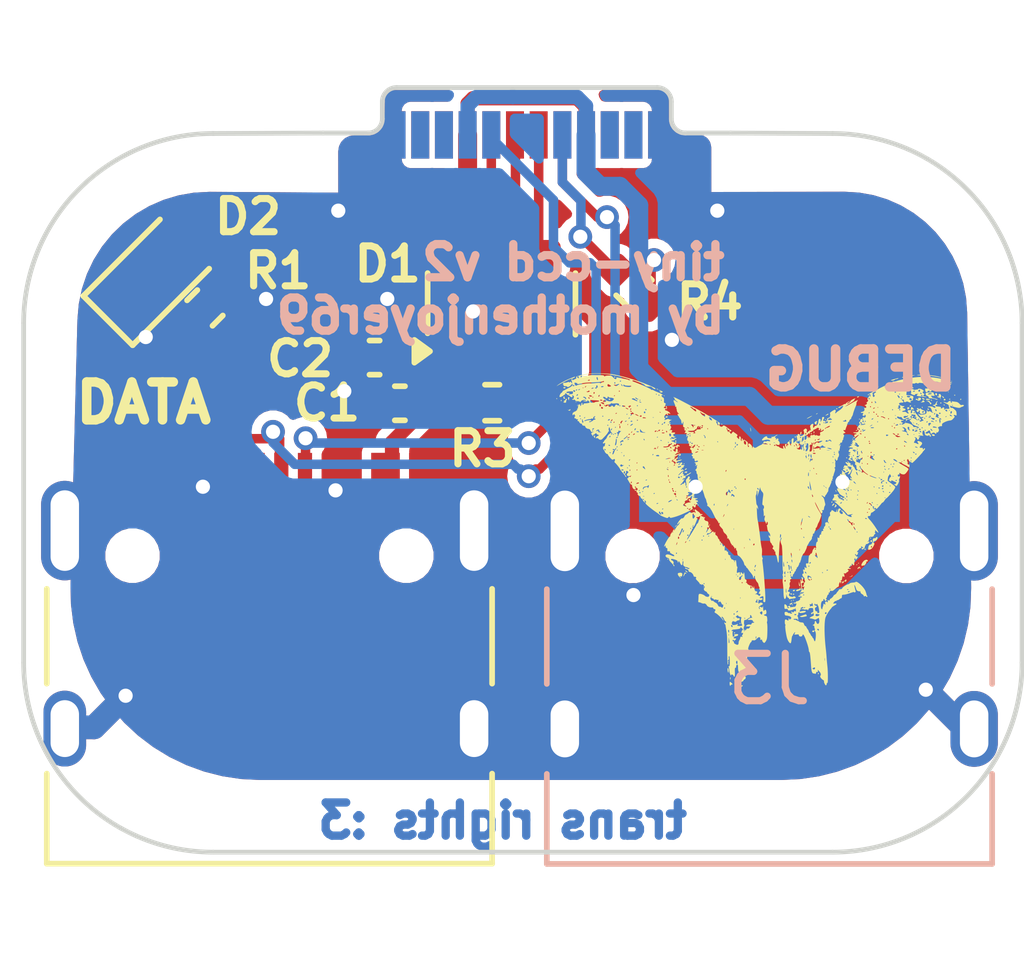
<source format=kicad_pcb>
(kicad_pcb (version 20240108) (generator "pcbnew") (generator_version "8.0")
  (layers (0 "F.Cu" signal) (31 "B.Cu" signal) (34 "B.Paste" user) (35 "F.Paste" user) (36 "B.SilkS" user "B.Silkscreen") (37 "F.SilkS" user "F.Silkscreen") (38 "B.Mask" user) (39 "F.Mask" user) (44 "Edge.Cuts" user))
  (net 0 "")
  (net 1 "VBUS")
  (net 2 "GND")
  (net 3 "DBG_N")
  (net 4 "DBG_P")
  (net 5 "USB_N")
  (net 6 "USB_P")
  (net 7 "CC1")
  (net 8 "CC2")
  (net 9 "Net-(D2-A)")
  (footprint "Connector_USB:USB_C_Plug_Molex_105444" (layer "F.Cu") (at 155.23742 99.833775)
    (property "Reference" "J1" (hide yes))
    (property "Value" "USB-C_PLUG")
    (fp_line (start -3.35 0) (end -4.3 0) (stroke (width 0.1)) (layer "Edge.Cuts"))
    (fp_line (start -3.05 -0.66) (end -3.05 -0.3) (stroke (width 0.1)) (layer "Edge.Cuts"))
    (fp_line (start -2.75 -0.96) (end 2.75 -0.96) (stroke (width 0.1)) (layer "Edge.Cuts"))
    (fp_line (start 3.05 -0.66) (end 3.05 -0.3) (stroke (width 0.1)) (layer "Edge.Cuts"))
    (fp_line (start 3.35 0) (end 4.3 0) (stroke (width 0.1)) (layer "Edge.Cuts"))
    (fp_arc (start -3.05 -0.66) (mid -2.962132 -0.872132) (end -2.75 -0.96) (stroke (width 0.1)) (layer "Edge.Cuts"))
    (fp_arc (start -3.05 -0.3) (mid -3.137868 -0.087868) (end -3.35 0) (stroke (width 0.1)) (layer "Edge.Cuts"))
    (fp_arc (start 2.75 -0.96) (mid 2.962132 -0.872132) (end 3.05 -0.66) (stroke (width 0.1)) (layer "Edge.Cuts"))
    (fp_arc (start 3.35 0) (mid 3.137868 -0.087868) (end 3.05 -0.3) (stroke (width 0.1)) (layer "Edge.Cuts"))
  )
  (footprint "Resistor_SMD:R_0402_1005Metric" (layer "F.Cu") (at 148.442624 103.525376 -135)
    (property "Reference" "R1")
    (property "Value" "1.5k")
  )
  (footprint "Capacitor_SMD:C_0402_1005Metric" (layer "F.Cu") (at 152.55773 105.537894 180)
    (property "Reference" "C1")
    (property "Value" "10u")
  )
  (footprint "Resistor_SMD:R_0402_1005Metric" (layer "F.Cu") (at 157.5 103.1 -45)
    (property "Reference" "R4")
    (property "Value" "56k")
  )
  (footprint "Resistor_SMD:R_0402_1005Metric" (layer "F.Cu") (at 154.507419 105.526284 180)
    (property "Reference" "R3")
    (property "Value" "22k")
  )
  (footprint "Package_TO_SOT_SMD:SOT-143" (layer "F.Cu") (at 154.70342 103.440775 90)
    (property "Reference" "D1")
    (property "Value" "PRTR5V0U2X")
  )
  (footprint "LED_SMD:LED_0603_1608Metric" (layer "F.Cu") (at 147.447 102.743 45)
    (property "Reference" "D2")
    (property "Value" "PINK_ACTIVITY")
  )
  (footprint "Connector_USB:USB_C_Receptacle_HRO_TYPE-C-31-M-12" (layer "F.Cu") (at 149.804144 111.355734)
    (property "Reference" "J2" (hide yes))
    (property "Value" "USB-C_DEBUG")
  )
  (footprint "Capacitor_SMD:C_0402_1005Metric" (layer "F.Cu") (at 152.023652 104.574231)
    (property "Reference" "C2")
    (property "Value" "10u")
  )
  (footprint "Connector_USB:USB_C_Receptacle_HRO_TYPE-C-31-M-12" (layer "B.Cu") (at 160.35942 111.361774 180)
    (property "Reference" "J3")
    (property "Value" "USB-C_DATA")
  )
  (gr_poly (pts (xy 163.293372 105.621581) (xy 163.296598 105.621733) (xy 163.299466 105.622028) (xy 163.300778 105.622229) (xy 163.302004 105.622453) (xy 163.303146 105.622724) (xy 163.304211 105.623033) (xy 163.305191 105.623384) (xy 163.306106 105.623771) (xy 163.306926 105.6242) (xy 163.30768 105.624663) (xy 163.308362 105.625209) (xy 163.308962 105.625754) (xy 163.309495 105.626385) (xy 163.30997 105.627054) (xy 163.310363 105.627782) (xy 163.310679 105.628557) (xy 163.310959 105.629379) (xy 163.311157 105.630284) (xy 163.311287 105.631233) (xy 163.311356 105.632255) (xy 163.311373 105.633318) (xy 163.311328 105.634459) (xy 163.31123 105.635665) (xy 163.311058 105.636933) (xy 163.310581 105.639673) (xy 163.309881 105.642694) (xy 163.309577 105.643772) (xy 163.309261 105.644827) (xy 163.30892 105.645831) (xy 163.308557 105.646803) (xy 163.30818 105.647745) (xy 163.307798 105.648661) (xy 163.307408 105.649524) (xy 163.306977 105.65036) (xy 163.30654 105.65117) (xy 163.306101 105.651928) (xy 163.30567 105.652656) (xy 163.3052 105.653349) (xy 163.304739 105.653981) (xy 163.304262 105.654585) (xy 163.303783 105.655149) (xy 163.303278 105.655671) (xy 163.302765 105.656136) (xy 163.302274 105.656562) (xy 163.301769 105.656946) (xy 163.301246 105.657297) (xy 163.30073 105.657582) (xy 163.30021 105.657826) (xy 163.299698 105.658039) (xy 163.299182 105.658184) (xy 163.298649 105.658281) (xy 163.298137 105.658326) (xy 163.297613 105.658328) (xy 163.297096 105.658266) (xy 163.296581 105.658156) (xy 163.296073 105.658003) (xy 163.295575 105.657778) (xy 163.295068 105.657507) (xy 163.29458 105.657233) (xy 163.294094 105.656999) (xy 163.293616 105.656793) (xy 163.293144 105.656617) (xy 163.292678 105.656478) (xy 163.292224 105.656386) (xy 163.291791 105.656319) (xy 163.291342 105.656296) (xy 163.290919 105.656292) (xy 163.290521 105.65633) (xy 163.290118 105.65641) (xy 163.289729 105.65651) (xy 163.289369 105.656651) (xy 163.289007 105.656824) (xy 163.288667 105.657018) (xy 163.28834 105.657254) (xy 163.288014 105.657516) (xy 163.287718 105.6578) (xy 163.287438 105.658124) (xy 163.287171 105.658482) (xy 163.286912 105.658863) (xy 163.2867 105.659283) (xy 163.286483 105.659719) (xy 163.286298 105.6602) (xy 163.286124 105.660691) (xy 163.285974 105.661217) (xy 163.285838 105.661769) (xy 163.285748 105.662348) (xy 163.285657 105.66295) (xy 163.285593 105.663594) (xy 163.285569 105.664231) (xy 163.285546 105.664914) (xy 163.285514 105.666608) (xy 163.2854 105.668072) (xy 163.285204 105.669341) (xy 163.284944 105.670385) (xy 163.284637 105.671268) (xy 163.284239 105.671948) (xy 163.283822 105.672445) (xy 163.283321 105.672758) (xy 163.282799 105.672907) (xy 163.282224 105.672879) (xy 163.281616 105.672729) (xy 163.280975 105.6724) (xy 163.2803 105.671927) (xy 163.2796 105.671316) (xy 163.278135 105.669682) (xy 163.276627 105.667551) (xy 163.275105 105.664977) (xy 163.27361 105.662013) (xy 163.272147 105.658676) (xy 163.270786 105.655025) (xy 163.269556 105.651128) (xy 163.268455 105.646981) (xy 163.267557 105.642694) (xy 163.267246 105.639841) (xy 163.267122 105.637225) (xy 163.267118 105.636015) (xy 163.267202 105.634848) (xy 163.26729 105.633743) (xy 163.267459 105.632704) (xy 163.267661 105.631701) (xy 163.267931 105.630757) (xy 163.268246 105.629858) (xy 163.268641 105.629031) (xy 163.26906 105.628228) (xy 163.269563 105.627487) (xy 163.270119 105.626809) (xy 163.270725 105.626162) (xy 163.271411 105.625559) (xy 163.272146 105.62501) (xy 163.272952 105.624504) (xy 163.273816 105.62404) (xy 163.274758 105.623617) (xy 163.275759 105.623229) (xy 163.276845 105.622902) (xy 163.277971 105.622603) (xy 163.279197 105.622343) (xy 163.280465 105.622117) (xy 163.283274 105.621778) (xy 163.286365 105.621589) (xy 163.289785 105.621545)) (fill solid) (layer "F.SilkS"))
  (gr_poly (pts (xy 163.650259 104.981319) (xy 163.675822 104.981654) (xy 163.698297 104.982291) (xy 163.727976 104.984214) (xy 163.758482 104.986784) (xy 163.789499 104.98992) (xy 163.820679 104.993575) (xy 163.882247 105.002197) (xy 163.94066 105.012188) (xy 163.967858 105.017553) (xy 163.993305 105.023087) (xy 164.016674 105.028708) (xy 164.037621 105.034379) (xy 164.055848 105.040043) (xy 164.071034 105.045644) (xy 164.082831 105.051108) (xy 164.087374 105.053779) (xy 164.090945 105.056384) (xy 164.092843 105.058036) (xy 164.095339 105.059831) (xy 164.098414 105.061747) (xy 164.101994 105.063775) (xy 164.110559 105.068078) (xy 164.120696 105.072653) (xy 164.132095 105.077379) (xy 164.144368 105.082127) (xy 164.157226 105.086818) (xy 164.170315 105.091311) (xy 164.178429 105.093982) (xy 164.185707 105.096431) (xy 164.192152 105.09868) (xy 164.197768 105.100724) (xy 164.202593 105.102564) (xy 164.20661 105.104238) (xy 164.208313 105.105) (xy 164.209821 105.105728) (xy 164.211147 105.106408) (xy 164.212249 105.107051) (xy 164.213181 105.107646) (xy 164.213897 105.108215) (xy 164.214428 105.108727) (xy 164.21477 105.109207) (xy 164.214868 105.109436) (xy 164.214921 105.109663) (xy 164.214919 105.109877) (xy 164.214875 105.110081) (xy 164.214785 105.110276) (xy 164.21463 105.110455) (xy 164.214212 105.110791) (xy 164.21361 105.111125) (xy 164.212803 105.1114) (xy 164.211829 105.111643) (xy 164.210675 105.111867) (xy 164.209313 105.112063) (xy 164.207794 105.112223) (xy 164.204187 105.112467) (xy 164.201219 105.112604) (xy 164.198264 105.112587) (xy 164.195337 105.112438) (xy 164.192468 105.112172) (xy 164.189692 105.111791) (xy 164.186981 105.111319) (xy 164.184404 105.110754) (xy 164.181965 105.110087) (xy 164.179639 105.109356) (xy 164.177512 105.108575) (xy 164.175567 105.107715) (xy 164.173824 105.106819) (xy 164.172282 105.105889) (xy 164.171626 105.105409) (xy 164.171019 105.10492) (xy 164.170478 105.104425) (xy 164.169991 105.103934) (xy 164.169594 105.103447) (xy 164.169262 105.102944) (xy 164.168438 105.101784) (xy 164.167561 105.100701) (xy 164.16665 105.09968) (xy 164.165689 105.098736) (xy 164.164692 105.097843) (xy 164.163681 105.097037) (xy 164.162619 105.096293) (xy 164.161559 105.095624) (xy 164.160468 105.09502) (xy 164.159369 105.094491) (xy 164.158269 105.094029) (xy 164.157165 105.093624) (xy 164.156063 105.093313) (xy 164.154969 105.09305) (xy 164.153909 105.092868) (xy 164.152859 105.092757) (xy 164.151816 105.092723) (xy 164.150826 105.092752) (xy 164.149854 105.092855) (xy 164.148937 105.093024) (xy 164.148047 105.09329) (xy 164.147225 105.093607) (xy 164.146447 105.093989) (xy 164.145738 105.094467) (xy 164.145096 105.095004) (xy 164.144509 105.095608) (xy 164.144002 105.0963) (xy 164.143594 105.097049) (xy 164.143247 105.097893) (xy 164.143008 105.098791) (xy 164.142853 105.099765) (xy 164.1428 105.100827) (xy 164.142842 105.101349) (xy 164.142949 105.101887) (xy 164.143379 105.103035) (xy 164.144071 105.104312) (xy 164.145053 105.105662) (xy 164.146251 105.107086) (xy 164.147716 105.108572) (xy 164.149381 105.11011) (xy 164.151264 105.111673) (xy 164.153344 105.113263) (xy 164.155617 105.114873) (xy 164.15805 105.11651) (xy 164.160659 105.118096) (xy 164.163404 105.119667) (xy 164.166279 105.121217) (xy 164.169298 105.122691) (xy 164.172425 105.124106) (xy 164.200999 105.136817) (xy 164.175601 105.149516) (xy 164.172001 105.150987) (xy 164.168698 105.152295) (xy 164.16714 105.152848) (xy 164.165662 105.15337) (xy 164.164259 105.153835) (xy 164.162937 105.154244) (xy 164.161637 105.154605) (xy 164.160434 105.154907) (xy 164.159265 105.155148) (xy 164.158187 105.155353) (xy 164.157126 105.155497) (xy 164.156143 105.155587) (xy 164.155193 105.155616) (xy 164.15432 105.155596) (xy 164.153471 105.155526) (xy 164.152662 105.155383) (xy 164.151901 105.155197) (xy 164.151179 105.154945) (xy 164.150501 105.154649) (xy 164.14986 105.154284) (xy 164.14925 105.153864) (xy 164.148671 105.153385) (xy 164.148116 105.152849) (xy 164.147589 105.152251) (xy 164.147105 105.151602) (xy 164.146626 105.150869) (xy 164.14617 105.150093) (xy 164.14574 105.149247) (xy 164.145318 105.148353) (xy 164.144908 105.147403) (xy 164.144673 105.146803) (xy 164.144391 105.14621) (xy 164.143589 105.145027) (xy 164.14257 105.143873) (xy 164.141318 105.142733) (xy 164.139844 105.141635) (xy 164.138179 105.140583) (xy 164.136338 105.139595) (xy 164.134326 105.138672) (xy 164.132167 105.13781) (xy 164.129891 105.137037) (xy 164.127478 105.136358) (xy 164.124978 105.135776) (xy 164.122377 105.135324) (xy 164.119716 105.134974) (xy 164.116987 105.134778) (xy 164.114207 105.134698) (xy 164.110465 105.134649) (xy 164.107127 105.134534) (xy 164.105595 105.134445) (xy 164.104174 105.134331) (xy 164.102864 105.134184) (xy 164.10164 105.134026) (xy 164.100519 105.133836) (xy 164.099489 105.133609) (xy 164.098553 105.13336) (xy 164.097719 105.133078) (xy 164.096971 105.132767) (xy 164.096328 105.13244) (xy 164.095774 105.132059) (xy 164.095303 105.131654) (xy 164.094938 105.131216) (xy 164.094637 105.130734) (xy 164.094439 105.130235) (xy 164.094321 105.129685) (xy 164.0943 105.129101) (xy 164.094352 105.128477) (xy 164.094501 105.127809) (xy 164.094724 105.127104) (xy 164.09504 105.126364) (xy 164.09542 105.125571) (xy 164.095891 105.124747) (xy 164.096453 105.123863) (xy 164.097057 105.122931) (xy 164.097774 105.121973) (xy 164.09941 105.11988) (xy 164.100266 105.118893) (xy 164.101057 105.117936) (xy 164.101768 105.116981) (xy 164.102436 105.116051) (xy 164.103034 105.115133) (xy 164.103536 105.114215) (xy 164.103995 105.113331) (xy 164.104383 105.112442) (xy 164.104698 105.111559) (xy 164.104962 105.110687) (xy 164.105145 105.109838) (xy 164.105268 105.108979) (xy 164.105325 105.108134) (xy 164.105317 105.107269) (xy 164.105235 105.10644) (xy 164.105099 105.105597) (xy 164.104887 105.104756) (xy 164.104617 105.103901) (xy 164.104279 105.103052) (xy 164.103882 105.102199) (xy 164.103418 105.101329) (xy 164.10289 105.100494) (xy 164.102287 105.099613) (xy 164.101632 105.098748) (xy 164.100924 105.097858) (xy 164.100143 105.096975) (xy 164.099292 105.096057) (xy 164.098377 105.09514) (xy 164.096362 105.093252) (xy 164.094113 105.091295) (xy 164.091456 105.089268) (xy 164.089026 105.087494) (xy 164.087866 105.086725) (xy 164.086781 105.086019) (xy 164.085704 105.085399) (xy 164.084698 105.084845) (xy 164.08371 105.084371) (xy 164.082752 105.083974) (xy 164.081813 105.083638) (xy 164.080904 105.083398) (xy 164.080015 105.083229) (xy 164.079149 105.083149) (xy 164.07829 105.083149) (xy 164.077448 105.083235) (xy 164.076614 105.083395) (xy 164.075774 105.083647) (xy 164.074926 105.083995) (xy 164.074083 105.084419) (xy 164.073227 105.084929) (xy 164.072369 105.085524) (xy 164.071484 105.086213) (xy 164.070605 105.086986) (xy 164.069685 105.087853) (xy 164.068741 105.088825) (xy 164.067767 105.089887) (xy 164.066768 105.091029) (xy 164.06466 105.093617) (xy 164.062359 105.096604) (xy 164.059556 105.100736) (xy 164.056721 105.105135) (xy 164.053909 105.109623) (xy 164.051256 105.114048) (xy 164.04879 105.118283) (xy 164.046594 105.122192) (xy 164.044734 105.125592) (xy 164.043327 105.128346) (xy 164.042998 105.129021) (xy 164.042676 105.129624) (xy 164.042339 105.130161) (xy 164.041984 105.130621) (xy 164.041611 105.131049) (xy 164.041201 105.131413) (xy 164.040801 105.131703) (xy 164.040379 105.131947) (xy 164.039931 105.132136) (xy 164.039467 105.132259) (xy 164.039001 105.132318) (xy 164.038514 105.132317) (xy 164.03801 105.132276) (xy 164.037504 105.132163) (xy 164.036975 105.132006) (xy 164.036433 105.131787) (xy 164.035884 105.131508) (xy 164.035315 105.131175) (xy 164.034744 105.130792) (xy 164.034161 105.130349) (xy 164.033556 105.129852) (xy 164.032951 105.12931) (xy 164.032328 105.128702) (xy 164.031715 105.128047) (xy 164.030429 105.12658) (xy 164.029101 105.124898) (xy 164.027755 105.123029) (xy 164.026384 105.120945) (xy 164.024842 105.118637) (xy 164.02322 105.116494) (xy 164.021507 105.114511) (xy 164.019723 105.112703) (xy 164.017847 105.111036) (xy 164.015942 105.109543) (xy 164.013969 105.108202) (xy 164.011951 105.107013) (xy 164.009901 105.10599) (xy 164.00784 105.105123) (xy 164.005736 105.104417) (xy 164.003612 105.10386) (xy 164.001481 105.103474) (xy 163.999366 105.103212) (xy 163.997257 105.10314) (xy 163.995167 105.103216) (xy 163.993091 105.103448) (xy 163.99106 105.103817) (xy 163.98906 105.104357) (xy 163.987109 105.105043) (xy 163.985208 105.105892) (xy 163.98338 105.106884) (xy 163.981613 105.108031) (xy 163.979948 105.109328) (xy 163.978348 105.110788) (xy 163.976864 105.112391) (xy 163.975459 105.114141) (xy 163.974187 105.116048) (xy 163.972999 105.118106) (xy 163.971962 105.120311) (xy 163.971059 105.122663) (xy 163.970286 105.125178) (xy 163.969473 105.128191) (xy 163.968581 105.130896) (xy 163.96761 105.133277) (xy 163.967088 105.134354) (xy 163.966541 105.135377) (xy 163.965951 105.136312) (xy 163.965357 105.137175) (xy 163.964697 105.137968) (xy 163.964017 105.1387) (xy 163.963294 105.139342) (xy 163.962544 105.139935) (xy 163.961736 105.140459) (xy 163.960899 105.140913) (xy 163.960007 105.14129) (xy 163.959072 105.141639) (xy 163.958081 105.141895) (xy 163.957033 105.142092) (xy 163.95593 105.142232) (xy 163.954768 105.142307) (xy 163.95356 105.142333) (xy 163.952279 105.14229) (xy 163.949534 105.142035) (xy 163.946521 105.141565) (xy 163.943217 105.140864) (xy 163.939593 105.139986) (xy 163.937009 105.139141) (xy 163.93441 105.138211) (xy 163.931814 105.137209) (xy 163.929241 105.13613) (xy 163.926682 105.134997) (xy 163.924178 105.133836) (xy 163.921731 105.132625) (xy 163.919359 105.131394) (xy 163.917071 105.130155) (xy 163.914886 105.128896) (xy 163.912821 105.127674) (xy 163.910876 105.126445) (xy 163.909074 105.125253) (xy 163.907433 105.124115) (xy 163.905963 105.123017) (xy 163.904674 105.122) (xy 163.90358 105.120871) (xy 163.902693 105.119863) (xy 163.902003 105.118991) (xy 163.901528 105.11824) (xy 163.901373 105.117894) (xy 163.901268 105.117592) (xy 163.901212 105.117326) (xy 163.90121 105.117084) (xy 163.90127 105.116875) (xy 163.901376 105.116698) (xy 163.901549 105.116554) (xy 163.901761 105.116438) (xy 163.902036 105.116364) (xy 163.902369 105.116295) (xy 163.902752 105.11628) (xy 163.9032 105.116295) (xy 163.904274 105.116402) (xy 163.905573 105.116637) (xy 163.907101 105.116996) (xy 163.908871 105.117481) (xy 163.910885 105.118095) (xy 163.913126 105.118828) (xy 163.914693 105.119471) (xy 163.916185 105.120015) (xy 163.917593 105.120459) (xy 163.918936 105.120819) (xy 163.920231 105.121074) (xy 163.921433 105.121233) (xy 163.922586 105.121308) (xy 163.923658 105.121261) (xy 163.924667 105.121149) (xy 163.925599 105.120928) (xy 163.926461 105.120638) (xy 163.927276 105.120245) (xy 163.928011 105.119755) (xy 163.928678 105.119176) (xy 163.929282 105.118521) (xy 163.929798 105.117777) (xy 163.930267 105.116929) (xy 163.930661 105.116004) (xy 163.930989 105.114991) (xy 163.931247 105.113916) (xy 163.931436 105.112721) (xy 163.93155 105.111455) (xy 163.931605 105.110134) (xy 163.931597 105.108695) (xy 163.931369 105.105617) (xy 163.930851 105.102211) (xy 163.930053 105.098493) (xy 163.929011 105.094482) (xy 163.928354 105.093156) (xy 163.927503 105.091979) (xy 163.926363 105.090927) (xy 163.924842 105.089973) (xy 163.92286 105.089137) (xy 163.92031 105.088373) (xy 163.917106 105.08769) (xy 163.91315 105.087079) (xy 163.902602 105.085956) (xy 163.887929 105.08495) (xy 163.868407 105.083953) (xy 163.843275 105.082845) (xy 163.839203 105.082785) (xy 163.835278 105.082594) (xy 163.831538 105.082321) (xy 163.828004 105.081918) (xy 163.824714 105.081438) (xy 163.821643 105.080887) (xy 163.820202 105.080564) (xy 163.818828 105.080245) (xy 163.817536 105.079888) (xy 163.816299 105.079537) (xy 163.815141 105.079146) (xy 163.814069 105.07875) (xy 163.813076 105.078349) (xy 163.812161 105.077924) (xy 163.811319 105.077495) (xy 163.810584 105.077055) (xy 163.80992 105.0766) (xy 163.809354 105.076146) (xy 163.808882 105.075672) (xy 163.808505 105.075197) (xy 163.808226 105.074705) (xy 163.808027 105.074241) (xy 163.807965 105.073747) (xy 163.807993 105.073241) (xy 163.808121 105.072743) (xy 163.80836 105.07226) (xy 163.809123 105.070968) (xy 163.809624 105.069717) (xy 163.809877 105.068488) (xy 163.809888 105.067277) (xy 163.809679 105.066106) (xy 163.809277 105.064987) (xy 163.808663 105.063891) (xy 163.807887 105.062846) (xy 163.806932 105.061853) (xy 163.80582 105.060914) (xy 163.804553 105.06001) (xy 163.803175 105.059176) (xy 163.801663 105.058412) (xy 163.800068 105.057698) (xy 163.796595 105.056498) (xy 163.792849 105.055626) (xy 163.788959 105.055085) (xy 163.785016 105.054917) (xy 163.783071 105.054991) (xy 163.781134 105.055139) (xy 163.779229 105.055409) (xy 163.777396 105.055789) (xy 163.775608 105.056288) (xy 163.773909 105.056904) (xy 163.772308 105.057637) (xy 163.770793 105.05851) (xy 163.76942 105.059497) (xy 163.768148 105.06062) (xy 163.767478 105.061299) (xy 163.766865 105.061994) (xy 163.766287 105.062687) (xy 163.765769 105.063394) (xy 163.765289 105.06408) (xy 163.76487 105.064787) (xy 163.764491 105.065486) (xy 163.764158 105.066184) (xy 163.76388 105.066882) (xy 163.763653 105.067602) (xy 163.763477 105.068298) (xy 163.763327 105.068999) (xy 163.763237 105.069711) (xy 163.763201 105.070431) (xy 163.763203 105.071144) (xy 163.76325 105.07187) (xy 163.763359 105.072577) (xy 163.763501 105.073305) (xy 163.763684 105.074032) (xy 163.763914 105.074766) (xy 163.76421 105.075491) (xy 163.764533 105.076238) (xy 163.764908 105.076983) (xy 163.765313 105.077725) (xy 163.765779 105.078484) (xy 163.766299 105.07924) (xy 163.766842 105.080005) (xy 163.767444 105.080766) (xy 163.768764 105.082319) (xy 163.770266 105.083908) (xy 163.771987 105.085674) (xy 163.773562 105.087395) (xy 163.775022 105.089076) (xy 163.776326 105.090716) (xy 163.777504 105.092309) (xy 163.77856 105.093851) (xy 163.779473 105.095347) (xy 163.780257 105.096777) (xy 163.780921 105.098159) (xy 163.781468 105.099469) (xy 163.78187 105.100728) (xy 163.782158 105.101917) (xy 163.782313 105.103036) (xy 163.782331 105.104095) (xy 163.782254 105.105082) (xy 163.782036 105.105981) (xy 163.781716 105.106833) (xy 163.781253 105.107558) (xy 163.780676 105.108237) (xy 163.779993 105.10882) (xy 163.77918 105.109305) (xy 163.778278 105.109711) (xy 163.777218 105.110012) (xy 163.776074 105.110236) (xy 163.774798 105.11036) (xy 163.773429 105.110379) (xy 163.771933 105.110299) (xy 163.770338 105.110088) (xy 163.768634 105.109808) (xy 163.766808 105.109398) (xy 163.764894 105.108869) (xy 163.762856 105.108237) (xy 163.760025 105.107548) (xy 163.757476 105.107062) (xy 163.75521 105.106812) (xy 163.754162 105.106765) (xy 163.753188 105.106784) (xy 163.752268 105.106854) (xy 163.751397 105.107014) (xy 163.750602 105.107215) (xy 163.749857 105.107488) (xy 163.749162 105.107836) (xy 163.748513 105.108258) (xy 163.747924 105.10874) (xy 163.747372 105.109294) (xy 163.746876 105.109929) (xy 163.746424 105.110641) (xy 163.746021 105.111423) (xy 163.745646 105.112295) (xy 163.745325 105.113222) (xy 163.74503 105.114271) (xy 163.744765 105.115377) (xy 163.74456 105.116575) (xy 163.744206 105.119217) (xy 163.743979 105.122245) (xy 163.743856 105.125641) (xy 163.74381 105.129407) (xy 163.743856 105.133539) (xy 163.744012 105.13722) (xy 163.744347 105.140485) (xy 163.744878 105.143368) (xy 163.745234 105.144655) (xy 163.745681 105.145862) (xy 163.746177 105.146986) (xy 163.746771 105.148011) (xy 163.74744 105.148964) (xy 163.748211 105.149837) (xy 163.74906 105.150638) (xy 163.750027 105.151366) (xy 163.751102 105.152032) (xy 163.752271 105.152631) (xy 163.7536 105.153165) (xy 163.755022 105.153641) (xy 163.756589 105.154046) (xy 163.758275 105.154428) (xy 163.762101 105.154993) (xy 163.766556 105.155425) (xy 163.771663 105.155676) (xy 163.77746 105.155819) (xy 163.784024 105.155858) (xy 163.788341 105.15592) (xy 163.79248 105.156058) (xy 163.796485 105.156294) (xy 163.800296 105.156629) (xy 163.803915 105.157039) (xy 163.807323 105.157541) (xy 163.810492 105.158125) (xy 163.813391 105.158779) (xy 163.814745 105.159129) (xy 163.816023 105.159498) (xy 163.817238 105.159896) (xy 163.818382 105.160307) (xy 163.819437 105.16074) (xy 163.820418 105.161178) (xy 163.821312 105.161641) (xy 163.822122 105.162117) (xy 163.822843 105.162608) (xy 163.823482 105.163106) (xy 163.824024 105.163633) (xy 163.824473 105.164172) (xy 163.824833 105.164717) (xy 163.825099 105.165294) (xy 163.825237 105.16586) (xy 163.825297 105.166438) (xy 163.825322 105.166934) (xy 163.825365 105.167436) (xy 163.825438 105.167939) (xy 163.825537 105.168417) (xy 163.825674 105.168917) (xy 163.825823 105.169385) (xy 163.826002 105.169869) (xy 163.826211 105.170335) (xy 163.826454 105.170793) (xy 163.826721 105.171248) (xy 163.826999 105.171691) (xy 163.827294 105.172125) (xy 163.82763 105.172532) (xy 163.827982 105.172952) (xy 163.828353 105.17334) (xy 163.828737 105.173721) (xy 163.82914 105.174086) (xy 163.829561 105.174433) (xy 163.830002 105.174774) (xy 163.83046 105.175072) (xy 163.830935 105.175379) (xy 163.831422 105.175647) (xy 163.831926 105.175888) (xy 163.832437 105.176125) (xy 163.83296 105.176326) (xy 163.83352 105.1765) (xy 163.83405 105.176664) (xy 163.834612 105.176797) (xy 163.83518 105.176888) (xy 163.83576 105.176966) (xy 163.836343 105.17702) (xy 163.836942 105.177029) (xy 163.837431 105.177013) (xy 163.837902 105.176968) (xy 163.838335 105.176902) (xy 163.838777 105.17679) (xy 163.839172 105.176665) (xy 163.839565 105.176507) (xy 163.839942 105.176325) (xy 163.840279 105.176113) (xy 163.840597 105.175894) (xy 163.840897 105.175635) (xy 163.841188 105.17537) (xy 163.841439 105.175082) (xy 163.841667 105.17477) (xy 163.841881 105.174432) (xy 163.842074 105.174084) (xy 163.842227 105.173718) (xy 163.842374 105.173347) (xy 163.842469 105.172952) (xy 163.842577 105.172539) (xy 163.842621 105.172125) (xy 163.842663 105.171701) (xy 163.842665 105.171249) (xy 163.842652 105.170796) (xy 163.842604 105.170329) (xy 163.842515 105.169863) (xy 163.842416 105.169388) (xy 163.842289 105.168902) (xy 163.842115 105.168416) (xy 163.84193 105.16793) (xy 163.841703 105.167436) (xy 163.841467 105.166944) (xy 163.84118 105.166446) (xy 163.840474 105.164829) (xy 163.840551 105.163356) (xy 163.841348 105.161994) (xy 163.842825 105.160774) (xy 163.844945 105.159672) (xy 163.847655 105.158707) (xy 163.854637 105.157185) (xy 163.863478 105.156121) (xy 163.87378 105.155529) (xy 163.885212 105.155408) (xy 163.897396 105.155738) (xy 163.909982 105.156496) (xy 163.922646 105.157677) (xy 163.934995 105.159262) (xy 163.94669 105.161252) (xy 163.957383 105.163601) (xy 163.966694 105.166306) (xy 163.974304 105.169384) (xy 163.977334 105.171055) (xy 163.979809 105.172799) (xy 163.985982 105.178034) (xy 163.988322 105.180132) (xy 163.990111 105.1819) (xy 163.991356 105.183389) (xy 163.99178 105.184013) (xy 163.992042 105.184567) (xy 163.992163 105.185068) (xy 163.992112 105.185485) (xy 163.991936 105.185864) (xy 163.991583 105.186166) (xy 163.991085 105.186407) (xy 163.990419 105.186593) (xy 163.988616 105.186797) (xy 163.986126 105.186813) (xy 163.982941 105.186644) (xy 163.97904 105.186296) (xy 163.974408 105.18581) (xy 163.962886 105.184443) (xy 163.947321 105.1819) (xy 163.932057 105.179281) (xy 163.918981 105.176848) (xy 163.913848 105.175794) (xy 163.909962 105.174913) (xy 163.909165 105.17474) (xy 163.908401 105.174599) (xy 163.907644 105.174502) (xy 163.906886 105.174469) (xy 163.906182 105.17445) (xy 163.905459 105.174484) (xy 163.904784 105.174552) (xy 163.9041 105.17465) (xy 163.903461 105.174783) (xy 163.902837 105.174975) (xy 163.902253 105.175174) (xy 163.901672 105.175443) (xy 163.901118 105.175723) (xy 163.900593 105.176035) (xy 163.900108 105.176386) (xy 163.899648 105.176762) (xy 163.89921 105.177177) (xy 163.898817 105.177612) (xy 163.898452 105.178094) (xy 163.898129 105.178597) (xy 163.897823 105.179123) (xy 163.897576 105.179681) (xy 163.897347 105.180248) (xy 163.897164 105.180861) (xy 163.897019 105.181497) (xy 163.896932 105.182157) (xy 163.896855 105.182831) (xy 163.896845 105.183538) (xy 163.896892 105.184256) (xy 163.896964 105.184997) (xy 163.897087 105.185757) (xy 163.897262 105.186548) (xy 163.8972 105.188173) (xy 163.896474 105.189637) (xy 163.895112 105.190968) (xy 163.893114 105.192139) (xy 163.890598 105.193182) (xy 163.88754 105.194093) (xy 163.880043 105.195496) (xy 163.870948 105.196401) (xy 163.860599 105.196808) (xy 163.849291 105.196733) (xy 163.837352 105.196218) (xy 163.825089 105.195259) (xy 163.812833 105.193867) (xy 163.800923 105.192122) (xy 163.789666 105.189983) (xy 163.779377 105.187488) (xy 163.770372 105.184649) (xy 163.762996 105.181515) (xy 163.760028 105.179841) (xy 163.757572 105.178092) (xy 163.755927 105.176749) (xy 163.754201 105.175514) (xy 163.752427 105.174382) (xy 163.750585 105.17338) (xy 163.74871 105.172468) (xy 163.746807 105.171706) (xy 163.744903 105.171061) (xy 163.743021 105.17056) (xy 163.741139 105.170172) (xy 163.7393 105.169925) (xy 163.737539 105.169844) (xy 163.736684 105.169851) (xy 163.73584 105.169902) (xy 163.735034 105.169983) (xy 163.734215 105.170118) (xy 163.733456 105.170272) (xy 163.732686 105.170497) (xy 163.731994 105.170748) (xy 163.731304 105.171023) (xy 163.730655 105.171365) (xy 163.730047 105.171733) (xy 163.729165 105.172271) (xy 163.728288 105.172684) (xy 163.727463 105.172975) (xy 163.72664 105.173154) (xy 163.725841 105.173214) (xy 163.725079 105.173161) (xy 163.72432 105.17301) (xy 163.72362 105.172745) (xy 163.722928 105.17238) (xy 163.722279 105.171916) (xy 163.721654 105.171343) (xy 163.72108 105.170685) (xy 163.720498 105.169922) (xy 163.719988 105.169066) (xy 163.719055 105.167113) (xy 163.718308 105.164814) (xy 163.717714 105.162201) (xy 163.717312 105.159294) (xy 163.7171 105.156108) (xy 163.717084 105.15267) (xy 163.717304 105.149) (xy 163.717737 105.145127) (xy 163.718394 105.141041) (xy 163.718494 105.140568) (xy 163.718514 105.140109) (xy 163.718515 105.139678) (xy 163.718464 105.139276) (xy 163.718387 105.138875) (xy 163.718238 105.138507) (xy 163.718076 105.138181) (xy 163.717867 105.137864) (xy 163.717644 105.137581) (xy 163.717359 105.137328) (xy 163.717043 105.137092) (xy 163.716692 105.136883) (xy 163.716321 105.136691) (xy 163.715885 105.136528) (xy 163.715448 105.136406) (xy 163.714971 105.13629) (xy 163.713925 105.136147) (xy 163.712755 105.136086) (xy 163.711458 105.136121) (xy 163.71007 105.136278) (xy 163.708588 105.136533) (xy 163.707002 105.136879) (xy 163.705338 105.137337) (xy 163.703581 105.137879) (xy 163.701849 105.13857) (xy 163.699854 105.139107) (xy 163.697618 105.139499) (xy 163.69513 105.139723) (xy 163.692474 105.139801) (xy 163.689653 105.139731) (xy 163.686689 105.139529) (xy 163.683617 105.13919) (xy 163.680439 105.138733) (xy 163.677219 105.138163) (xy 163.673964 105.137471) (xy 163.670689 105.136682) (xy 163.66745 105.135784) (xy 163.664254 105.134813) (xy 163.661119 105.133741) (xy 163.658083 105.132584) (xy 163.651952 105.130204) (xy 163.645629 105.127877) (xy 163.639272 105.125654) (xy 163.633085 105.123589) (xy 163.627236 105.121713) (xy 163.621923 105.120079) (xy 163.617322 105.11876) (xy 163.61363 105.117761) (xy 163.600655 105.1155) (xy 163.588678 105.113498) (xy 163.577676 105.11174) (xy 163.567623 105.110256) (xy 163.558472 105.109025) (xy 163.550191 105.108048) (xy 163.542744 105.107343) (xy 163.53611 105.106921) (xy 163.530229 105.106755) (xy 163.527581 105.106784) (xy 163.525101 105.106871) (xy 163.522799 105.107028) (xy 163.52066 105.10727) (xy 163.518696 105.107567) (xy 163.516894 105.10794) (xy 163.515247 105.108377) (xy 163.513756 105.108898) (xy 163.512415 105.109489) (xy 163.511222 105.110155) (xy 163.510155 105.110882) (xy 163.509238 105.111701) (xy 163.508455 105.112588) (xy 163.507798 105.11352) (xy 163.506734 105.114839) (xy 163.505557 105.115995) (xy 163.50424 105.117004) (xy 163.502797 105.117875) (xy 163.501192 105.118553) (xy 163.499438 105.119068) (xy 163.497542 105.119429) (xy 163.495491 105.119619) (xy 163.493276 105.119633) (xy 163.490897 105.119471) (xy 163.488357 105.119121) (xy 163.48562 105.118588) (xy 163.482714 105.117886) (xy 163.47962 105.11698) (xy 163.476348 105.115877) (xy 163.472877 105.114584) (xy 163.4694 105.113289) (xy 163.466116 105.112151) (xy 163.463018 105.111206) (xy 163.46012 105.110426) (xy 163.458738 105.110096) (xy 163.457397 105.109822) (xy 163.456102 105.109578) (xy 163.454844 105.109381) (xy 163.453643 105.109221) (xy 163.45246 105.109117) (xy 163.451343 105.109051) (xy 163.450241 105.109044) (xy 163.449206 105.10905) (xy 163.448198 105.109123) (xy 163.447228 105.109237) (xy 163.4463 105.109369) (xy 163.44541 105.109572) (xy 163.444547 105.10981) (xy 163.443732 105.110089) (xy 163.442974 105.11042) (xy 163.442199 105.110784) (xy 163.441508 105.111199) (xy 163.440836 105.111656) (xy 163.440183 105.112153) (xy 163.439569 105.112706) (xy 163.439003 105.11328) (xy 163.438454 105.113912) (xy 163.437947 105.114577) (xy 163.436971 105.115822) (xy 163.43565 105.116936) (xy 163.433992 105.117963) (xy 163.432044 105.118879) (xy 163.429802 105.119687) (xy 163.427312 105.120373) (xy 163.421646 105.121481) (xy 163.415209 105.122201) (xy 163.408214 105.122531) (xy 163.40084 105.122512) (xy 163.393242 105.122142) (xy 163.38561 105.121415) (xy 163.378142 105.120377) (xy 163.371024 105.119044) (xy 163.364419 105.11741) (xy 163.358539 105.115509) (xy 163.353534 105.113323) (xy 163.351418 105.112146) (xy 163.349607 105.110905) (xy 163.348109 105.109601) (xy 163.346927 105.108243) (xy 163.346422 105.107567) (xy 163.345889 105.106961) (xy 163.345321 105.106377) (xy 163.344743 105.105861) (xy 163.344141 105.105384) (xy 163.34351 105.104948) (xy 163.342855 105.104577) (xy 163.342164 105.104261) (xy 163.341471 105.10398) (xy 163.340735 105.10374) (xy 163.339964 105.103555) (xy 163.3392 105.103417) (xy 163.338389 105.103332) (xy 163.337557 105.103296) (xy 163.335818 105.103346) (xy 163.333985 105.103578) (xy 163.33204 105.104007) (xy 163.330014 105.104621) (xy 163.327872 105.105411) (xy 163.325646 105.106384) (xy 163.323307 105.107525) (xy 163.320884 105.108858) (xy 163.318362 105.110359) (xy 163.315854 105.111753) (xy 163.312757 105.113169) (xy 163.309091 105.114589) (xy 163.30492 105.11601) (xy 163.295218 105.1188) (xy 163.283959 105.121466) (xy 163.27153 105.123943) (xy 163.258235 105.126136) (xy 163.244443 105.127973) (xy 163.230506 105.129402) (xy 163.223793 105.130058) (xy 163.21717 105.13083) (xy 163.210681 105.131708) (xy 163.204347 105.132681) (xy 163.198238 105.133742) (xy 163.19237 105.134869) (xy 163.186808 105.136089) (xy 163.181568 105.137344) (xy 163.17669 105.138661) (xy 163.172247 105.139997) (xy 163.168241 105.141396) (xy 163.164734 105.142809) (xy 163.161759 105.144216) (xy 163.159343 105.145642) (xy 163.158379 105.146342) (xy 163.157571 105.147054) (xy 163.156916 105.147754) (xy 163.156423 105.148458) (xy 163.1555 105.150103) (xy 163.154675 105.15168) (xy 163.15398 105.153176) (xy 163.153384 105.15459) (xy 163.1529 105.155942) (xy 163.152515 105.157182) (xy 163.152244 105.158366) (xy 163.152086 105.159446) (xy 163.15201 105.160462) (xy 163.152046 105.161371) (xy 163.15218 105.162215) (xy 163.152382 105.162942) (xy 163.152712 105.163595) (xy 163.153107 105.164157) (xy 163.153607 105.164624) (xy 163.154181 105.165) (xy 163.154843 105.165262) (xy 163.155591 105.16544) (xy 163.156395 105.165518) (xy 163.15731 105.165493) (xy 163.158279 105.165373) (xy 163.159342 105.16514) (xy 163.160452 105.164819) (xy 163.16165 105.164377) (xy 163.162893 105.163835) (xy 163.164222 105.163185) (xy 163.165593 105.162425) (xy 163.16704 105.161544) (xy 163.168536 105.160569) (xy 163.170095 105.15946) (xy 163.171708 105.158255) (xy 163.173369 105.156924) (xy 163.175524 105.155228) (xy 163.17764 105.153745) (xy 163.179724 105.152461) (xy 163.181792 105.151385) (xy 163.183849 105.150504) (xy 163.184877 105.150146) (xy 163.185903 105.149836) (xy 163.18694 105.149583) (xy 163.187954 105.149371) (xy 163.189 105.149214) (xy 163.190029 105.149122) (xy 163.191085 105.14907) (xy 163.192134 105.149072) (xy 163.193193 105.149136) (xy 163.194266 105.14923) (xy 163.195353 105.149408) (xy 163.196441 105.149614) (xy 163.19755 105.149897) (xy 163.198657 105.150222) (xy 163.200946 105.151049) (xy 163.203319 105.152073) (xy 163.20575 105.153326) (xy 163.208298 105.154798) (xy 163.211271 105.156485) (xy 163.213845 105.157992) (xy 163.216036 105.159317) (xy 163.217841 105.1605) (xy 163.219264 105.161516) (xy 163.219841 105.161965) (xy 163.220311 105.162396) (xy 163.220692 105.162788) (xy 163.220959 105.163148) (xy 163.22116 105.163489) (xy 163.221255 105.163808) (xy 163.221253 105.164078) (xy 163.221166 105.164349) (xy 163.220979 105.164592) (xy 163.22071 105.164804) (xy 163.220346 105.16501) (xy 163.219896 105.165198) (xy 163.219344 105.165371) (xy 163.218713 105.165518) (xy 163.217168 105.165798) (xy 163.215267 105.166033) (xy 163.213007 105.16625) (xy 163.210416 105.166455) (xy 163.208268 105.166528) (xy 163.206217 105.166756) (xy 163.20423 105.167138) (xy 163.202351 105.167643) (xy 163.200539 105.168307) (xy 163.198837 105.169074) (xy 163.197238 105.169975) (xy 163.19571 105.170969) (xy 163.194303 105.172063) (xy 163.192995 105.17325) (xy 163.191786 105.174518) (xy 163.190699 105.175878) (xy 163.189703 105.177299) (xy 163.188811 105.178785) (xy 163.18803 105.180338) (xy 163.187394 105.181929) (xy 163.186849 105.183557) (xy 163.186445 105.185221) (xy 163.186136 105.186902) (xy 163.185973 105.188616) (xy 163.18593 105.190329) (xy 163.18602 105.192043) (xy 163.186234 105.193766) (xy 163.186592 105.195467) (xy 163.187082 105.197143) (xy 163.18771 105.198811) (xy 163.18849 105.20043) (xy 163.189393 105.201997) (xy 163.190465 105.203525) (xy 163.191664 105.204979) (xy 163.193026 105.206383) (xy 163.194528 105.207717) (xy 163.196461 105.209199) (xy 163.197401 105.209862) (xy 163.198317 105.210448) (xy 163.199217 105.210991) (xy 163.200085 105.211479) (xy 163.200941 105.211909) (xy 163.201789 105.212286) (xy 163.202625 105.212595) (xy 163.20344 105.212853) (xy 163.204252 105.213067) (xy 163.20505 105.213227) (xy 163.205832 105.21332) (xy 163.206608 105.213355) (xy 163.207374 105.213349) (xy 163.208155 105.213285) (xy 163.208918 105.213148) (xy 163.209698 105.212969) (xy 163.210454 105.212729) (xy 163.211217 105.212438) (xy 163.211981 105.212089) (xy 163.212779 105.211668) (xy 163.213538 105.211209) (xy 163.21433 105.210701) (xy 163.215121 105.210129) (xy 163.215926 105.209491) (xy 163.216737 105.208812) (xy 163.217545 105.208058) (xy 163.219245 105.206406) (xy 163.220992 105.204551) (xy 163.222669 105.202446) (xy 163.223424 105.20147) (xy 163.224111 105.200513) (xy 163.224751 105.199608) (xy 163.225341 105.198719) (xy 163.22586 105.197884) (xy 163.226324 105.197085) (xy 163.226752 105.196318) (xy 163.227103 105.195569) (xy 163.227394 105.194867) (xy 163.227629 105.194183) (xy 163.227816 105.193536) (xy 163.227921 105.192902) (xy 163.227989 105.19229) (xy 163.228002 105.191721) (xy 163.227947 105.191149) (xy 163.227831 105.190614) (xy 163.22766 105.190092) (xy 163.227423 105.189597) (xy 163.227132 105.189109) (xy 163.226783 105.188623) (xy 163.226378 105.188173) (xy 163.225907 105.187726) (xy 163.225371 105.18729) (xy 163.224781 105.186863) (xy 163.224109 105.186455) (xy 163.223403 105.18604) (xy 163.222631 105.185632) (xy 163.221787 105.185227) (xy 163.220894 105.184833) (xy 163.219929 105.184432) (xy 163.218674 105.183844) (xy 163.217639 105.183255) (xy 163.217227 105.18296) (xy 163.216868 105.18267) (xy 163.216579 105.182385) (xy 163.216349 105.182099) (xy 163.216162 105.181834) (xy 163.216052 105.181556) (xy 163.215995 105.181293) (xy 163.216005 105.181041) (xy 163.216079 105.180789) (xy 163.216197 105.180534) (xy 163.216382 105.180295) (xy 163.216621 105.180066) (xy 163.216922 105.17987) (xy 163.217288 105.179648) (xy 163.217715 105.179441) (xy 163.218186 105.179263) (xy 163.21931 105.178928) (xy 163.220689 105.178634) (xy 163.222257 105.178398) (xy 163.224091 105.178228) (xy 163.226125 105.178128) (xy 163.228387 105.178082) (xy 163.230623 105.177973) (xy 163.23288 105.177972) (xy 163.235209 105.178137) (xy 163.237563 105.178433) (xy 163.239917 105.17883) (xy 163.242274 105.179358) (xy 163.244623 105.179995) (xy 163.246909 105.180735) (xy 163.249176 105.181577) (xy 163.251368 105.182503) (xy 163.253462 105.183539) (xy 163.255485 105.184627) (xy 163.257392 105.185812) (xy 163.259157 105.187063) (xy 163.260787 105.188362) (xy 163.262269 105.189725) (xy 163.262955 105.190407) (xy 163.26362 105.191044) (xy 163.264287 105.191644) (xy 163.264942 105.192205) (xy 163.26557 105.192732) (xy 163.266185 105.193219) (xy 163.266798 105.193679) (xy 163.267377 105.194074) (xy 163.267935 105.194448) (xy 163.268489 105.194778) (xy 163.269026 105.195071) (xy 163.269545 105.195331) (xy 163.270029 105.195552) (xy 163.270518 105.195723) (xy 163.27096 105.195861) (xy 163.271397 105.195946) (xy 163.27179 105.195999) (xy 163.272185 105.19601) (xy 163.272557 105.195979) (xy 163.272908 105.195922) (xy 163.273209 105.195819) (xy 163.273509 105.195672) (xy 163.273776 105.195475) (xy 163.274024 105.195233) (xy 163.27424 105.19495) (xy 163.274427 105.194645) (xy 163.274589 105.194291) (xy 163.274718 105.19388) (xy 163.274829 105.193441) (xy 163.274907 105.192962) (xy 163.274942 105.192426) (xy 163.274963 105.191851) (xy 163.275257 105.19052) (xy 163.27612 105.189356) (xy 163.277511 105.188334) (xy 163.279408 105.187445) (xy 163.281753 105.186683) (xy 163.284527 105.186074) (xy 163.291216 105.185191) (xy 163.299191 105.184785) (xy 163.308172 105.184827) (xy 163.317876 105.185301) (xy 163.328012 105.186162) (xy 163.338324 105.187371) (xy 163.348496 105.188918) (xy 163.358295 105.19077) (xy 163.367389 105.192887) (xy 163.375527 105.195247) (xy 163.382427 105.197832) (xy 163.387808 105.200573) (xy 163.389836 105.202017) (xy 163.391378 105.203487) (xy 163.392157 105.204378) (xy 163.392873 105.205236) (xy 163.393549 105.206089) (xy 163.394157 105.206913) (xy 163.39473 105.207726) (xy 163.395247 105.208532) (xy 163.39572 105.209303) (xy 163.396142 105.210073) (xy 163.396513 105.210822) (xy 163.39684 105.211558) (xy 163.397115 105.212278) (xy 163.397342 105.212988) (xy 163.397505 105.213667) (xy 163.397629 105.214337) (xy 163.397705 105.215008) (xy 163.39773 105.215652) (xy 163.3977 105.216303) (xy 163.397629 105.216931) (xy 163.397505 105.21754) (xy 163.397337 105.218141) (xy 163.397104 105.218735) (xy 163.396834 105.21931) (xy 163.396518 105.219894) (xy 163.396145 105.220455) (xy 163.395723 105.221011) (xy 163.395263 105.22156) (xy 163.394724 105.222094) (xy 163.39416 105.222625) (xy 163.393549 105.223145) (xy 163.39287 105.223648) (xy 163.392142 105.224154) (xy 163.391386 105.224652) (xy 163.390896 105.224927) (xy 163.390389 105.225192) (xy 163.389893 105.225401) (xy 163.389406 105.225581) (xy 163.388918 105.225763) (xy 163.388429 105.225885) (xy 163.387975 105.225981) (xy 163.387494 105.226058) (xy 163.387029 105.226098) (xy 163.386591 105.226106) (xy 163.386131 105.22609) (xy 163.385712 105.226037) (xy 163.385287 105.225974) (xy 163.384874 105.225874) (xy 163.384489 105.225742) (xy 163.384103 105.225582) (xy 163.383753 105.225397) (xy 163.383383 105.225177) (xy 163.383069 105.224937) (xy 163.382752 105.22466) (xy 163.382452 105.224377) (xy 163.382192 105.22404) (xy 163.381938 105.2237) (xy 163.381697 105.223306) (xy 163.381494 105.222916) (xy 163.38131 105.222492) (xy 163.381173 105.222031) (xy 163.381032 105.221544) (xy 163.380929 105.221028) (xy 163.380854 105.220507) (xy 163.380804 105.21995) (xy 163.380795 105.219367) (xy 163.380769 105.218776) (xy 163.380732 105.218233) (xy 163.380652 105.217695) (xy 163.380565 105.217183) (xy 163.380419 105.216697) (xy 163.380261 105.216245) (xy 163.380067 105.215827) (xy 163.379849 105.215434) (xy 163.379617 105.215052) (xy 163.379339 105.214728) (xy 163.37904 105.214407) (xy 163.378721 105.214127) (xy 163.378383 105.213871) (xy 163.378028 105.213637) (xy 163.37764 105.213432) (xy 163.377233 105.213284) (xy 163.376792 105.213141) (xy 163.376349 105.213052) (xy 163.375863 105.212969) (xy 163.375368 105.212948) (xy 163.37486 105.212919) (xy 163.374317 105.212949) (xy 163.373772 105.213016) (xy 163.373211 105.213105) (xy 163.372632 105.213254) (xy 163.372025 105.213409) (xy 163.371391 105.213596) (xy 163.370779 105.21384) (xy 163.370124 105.214112) (xy 163.369467 105.214412) (xy 163.368784 105.214751) (xy 163.368097 105.215134) (xy 163.366784 105.21586) (xy 163.365617 105.216473) (xy 163.364592 105.216937) (xy 163.363718 105.217291) (xy 163.363325 105.217422) (xy 163.362977 105.217514) (xy 163.362662 105.217575) (xy 163.362391 105.217606) (xy 163.362152 105.217601) (xy 163.361934 105.217562) (xy 163.361756 105.217491) (xy 163.361623 105.21738) (xy 163.361511 105.217236) (xy 163.361434 105.217058) (xy 163.3614 105.21684) (xy 163.361391 105.216606) (xy 163.361406 105.21633) (xy 163.361481 105.216013) (xy 163.361574 105.21566) (xy 163.361692 105.215283) (xy 163.362048 105.214413) (xy 163.362525 105.213395) (xy 163.363121 105.212217) (xy 163.363873 105.210902) (xy 163.364244 105.210206) (xy 163.364591 105.209532) (xy 163.364895 105.208874) (xy 163.36517 105.20824) (xy 163.365399 105.207583) (xy 163.365604 105.206965) (xy 163.365763 105.206372) (xy 163.365894 105.205778) (xy 163.366002 105.205225) (xy 163.366061 105.204666) (xy 163.366111 105.204134) (xy 163.366099 105.203622) (xy 163.366095 105.203139) (xy 163.36605 105.20265) (xy 163.365962 105.202201) (xy 163.365859 105.201774) (xy 163.365712 105.201362) (xy 163.365547 105.200975) (xy 163.365341 105.200601) (xy 163.365125 105.20027) (xy 163.364896 105.199946) (xy 163.364619 105.199646) (xy 163.364331 105.199383) (xy 163.364009 105.199143) (xy 163.363671 105.19892) (xy 163.363315 105.198736) (xy 163.362931 105.19858) (xy 163.36253 105.198443) (xy 163.362097 105.198338) (xy 163.361648 105.198263) (xy 163.361187 105.198205) (xy 163.360679 105.198199) (xy 163.360096 105.198226) (xy 163.359511 105.198305) (xy 163.358937 105.198442) (xy 163.358363 105.198641) (xy 163.357819 105.198869) (xy 163.357261 105.199162) (xy 163.356726 105.1995) (xy 163.356183 105.19989) (xy 163.355169 105.200794) (xy 163.354222 105.201881) (xy 163.353307 105.203134) (xy 163.352487 105.204549) (xy 163.351724 105.206116) (xy 163.351051 105.20781) (xy 163.350466 105.209638) (xy 163.349972 105.211589) (xy 163.349586 105.213661) (xy 163.349283 105.215824) (xy 163.349098 105.218083) (xy 163.349063 105.220418) (xy 163.349063 105.221495) (xy 163.349083 105.222558) (xy 163.349148 105.223569) (xy 163.349226 105.22457) (xy 163.349341 105.225543) (xy 163.34946 105.226473) (xy 163.349625 105.22739) (xy 163.349775 105.228263) (xy 163.349956 105.22909) (xy 163.350158 105.229913) (xy 163.350373 105.230672) (xy 163.350615 105.231395) (xy 163.350872 105.232098) (xy 163.351125 105.232744) (xy 163.351394 105.233348) (xy 163.351698 105.233918) (xy 163.351986 105.234435) (xy 163.352321 105.234916) (xy 163.352645 105.235357) (xy 163.352974 105.235732) (xy 163.353316 105.236074) (xy 163.353676 105.236372) (xy 163.35404 105.236607) (xy 163.3544 105.236792) (xy 163.354768 105.236929) (xy 163.355168 105.237015) (xy 163.35554 105.237029) (xy 163.355922 105.236999) (xy 163.356328 105.236906) (xy 163.356717 105.236771) (xy 163.357116 105.236566) (xy 163.357516 105.23628) (xy 163.358056 105.236016) (xy 163.358632 105.235803) (xy 163.360012 105.235497) (xy 163.361635 105.235364) (xy 163.363464 105.23541) (xy 163.365511 105.235608) (xy 163.367708 105.23596) (xy 163.370067 105.23646) (xy 163.372598 105.237095) (xy 163.37524 105.237852) (xy 163.377992 105.238716) (xy 163.380817 105.239684) (xy 163.383702 105.240759) (xy 163.389633 105.243155) (xy 163.395603 105.245815) (xy 163.398798 105.247354) (xy 163.401988 105.248791) (xy 163.405172 105.25011) (xy 163.408335 105.251309) (xy 163.411454 105.252392) (xy 163.414497 105.253335) (xy 163.417472 105.25415) (xy 163.420353 105.254827) (xy 163.423122 105.255334) (xy 163.425765 105.255691) (xy 163.42826 105.255906) (xy 163.430588 105.255945) (xy 163.432745 105.255809) (xy 163.433739 105.255671) (xy 163.434705 105.255481) (xy 163.435604 105.25526) (xy 163.436434 105.254988) (xy 163.437214 105.254659) (xy 163.437949 105.254299) (xy 163.439206 105.253514) (xy 163.440607 105.252809) (xy 163.44213 105.252144) (xy 163.443766 105.251521) (xy 163.445503 105.250979) (xy 163.447322 105.250477) (xy 163.449222 105.250035) (xy 163.451166 105.249656) (xy 163.453178 105.249343) (xy 163.455228 105.249093) (xy 163.457305 105.248891) (xy 163.459393 105.248789) (xy 163.461452 105.248733) (xy 163.463532 105.248743) (xy 163.465576 105.248836) (xy 163.467585 105.24899) (xy 163.468479 105.24917) (xy 163.469382 105.249311) (xy 163.470284 105.249424) (xy 163.471189 105.249504) (xy 163.472102 105.249535) (xy 163.472998 105.249541) (xy 163.473907 105.249523) (xy 163.474803 105.24947) (xy 163.475709 105.249379) (xy 163.476591 105.249253) (xy 163.477478 105.249098) (xy 163.478352 105.248918) (xy 163.480078 105.248487) (xy 163.481741 105.247929) (xy 163.483342 105.247288) (xy 163.484866 105.246558) (xy 163.486318 105.245736) (xy 163.487004 105.2453) (xy 163.487678 105.244841) (xy 163.488311 105.244346) (xy 163.488913 105.243862) (xy 163.489502 105.243329) (xy 163.490059 105.242807) (xy 163.490578 105.242253) (xy 163.491055 105.241692) (xy 163.491505 105.241117) (xy 163.491931 105.24054) (xy 163.493451 105.238456) (xy 163.495248 105.236603) (xy 163.497321 105.234966) (xy 163.499621 105.233556) (xy 163.502158 105.232345) (xy 163.50493 105.231342) (xy 163.507887 105.230547) (xy 163.511033 105.229958) (xy 163.514374 105.229574) (xy 163.517883 105.22937) (xy 163.525336 105.229568) (xy 163.5333 105.230518) (xy 163.541666 105.232195) (xy 163.550328 105.234584) (xy 163.559178 105.237652) (xy 163.568122 105.24138) (xy 163.577048 105.245733) (xy 163.585847 105.25072) (xy 163.594427 105.256289) (xy 163.602655 105.262425) (xy 163.610446 105.2691) (xy 163.612318 105.27081) (xy 163.613921 105.272392) (xy 163.61463 105.273134) (xy 163.615268 105.273844) (xy 163.615849 105.274533) (xy 163.616382 105.275188) (xy 163.616839 105.275825) (xy 163.617207 105.276452) (xy 163.617528 105.277017) (xy 163.617791 105.277587) (xy 163.617966 105.278131) (xy 163.618086 105.278674) (xy 163.618139 105.279186) (xy 163.618133 105.279671) (xy 163.618047 105.280184) (xy 163.617895 105.280652) (xy 163.61767 105.281122) (xy 163.617383 105.281593) (xy 163.617031 105.282055) (xy 163.616596 105.282492) (xy 163.616088 105.282944) (xy 163.615516 105.283395) (xy 163.614881 105.283841) (xy 163.614158 105.284288) (xy 163.613372 105.284737) (xy 163.61251 105.285185) (xy 163.610576 105.286124) (xy 163.608337 105.287091) (xy 163.606245 105.287931) (xy 163.604298 105.28886) (xy 163.602517 105.289879) (xy 163.60089 105.29096) (xy 163.599421 105.292118) (xy 163.598111 105.293334) (xy 163.596948 105.294628) (xy 163.595928 105.295977) (xy 163.595094 105.297381) (xy 163.594387 105.298815) (xy 163.593825 105.300299) (xy 163.593415 105.301808) (xy 163.593165 105.303357) (xy 163.593051 105.304936) (xy 163.593078 105.306523) (xy 163.593246 105.308142) (xy 163.593581 105.309744) (xy 163.594037 105.311375) (xy 163.594632 105.312976) (xy 163.595369 105.314598) (xy 163.596259 105.3162) (xy 163.597261 105.317775) (xy 163.598428 105.319341) (xy 163.599699 105.32088) (xy 163.601118 105.322375) (xy 163.60267 105.323842) (xy 163.60436 105.325266) (xy 163.606168 105.326644) (xy 163.608117 105.327963) (xy 163.610179 105.329228) (xy 163.61237 105.33043) (xy 163.614688 105.331547) (xy 163.618598 105.333427) (xy 163.621989 105.335104) (xy 163.624876 105.336658) (xy 163.62612 105.337397) (xy 163.627256 105.338101) (xy 163.628272 105.338787) (xy 163.629129 105.339462) (xy 163.629907 105.340118) (xy 163.630537 105.340765) (xy 163.631056 105.341432) (xy 163.631455 105.342101) (xy 163.631741 105.342771) (xy 163.631879 105.343458) (xy 163.631936 105.344157) (xy 163.631845 105.344887) (xy 163.631661 105.345642) (xy 163.631364 105.346421) (xy 163.630926 105.34725) (xy 163.6304 105.34812) (xy 163.629733 105.349025) (xy 163.628976 105.349997) (xy 163.628101 105.351016) (xy 163.627109 105.3521) (xy 163.624822 105.354472) (xy 163.622082 105.357124) (xy 163.618925 105.360121) (xy 163.615249 105.364092) (xy 163.61215 105.367699) (xy 163.609656 105.370971) (xy 163.608655 105.372478) (xy 163.60782 105.373924) (xy 163.607117 105.375282) (xy 163.606604 105.376583) (xy 163.60624 105.377818) (xy 163.606049 105.378974) (xy 163.606026 105.380108) (xy 163.606176 105.381174) (xy 163.606509 105.382183) (xy 163.60701 105.383146) (xy 163.607699 105.384065) (xy 163.608575 105.384955) (xy 163.609624 105.385782) (xy 163.610867 105.386604) (xy 163.61229 105.387383) (xy 163.613919 105.388136) (xy 163.615708 105.388874) (xy 163.617736 105.389588) (xy 163.622352 105.390983) (xy 163.627782 105.392315) (xy 163.634036 105.393676) (xy 163.641163 105.395045) (xy 163.644313 105.395675) (xy 163.647435 105.396325) (xy 163.650489 105.397024) (xy 163.653462 105.397757) (xy 163.656358 105.398519) (xy 163.659138 105.399291) (xy 163.661781 105.400084) (xy 163.664299 105.40087) (xy 163.666648 105.401657) (xy 163.668808 105.40244) (xy 163.670794 105.403233) (xy 163.672561 105.403981) (xy 163.674085 105.404706) (xy 163.675369 105.405404) (xy 163.676394 105.406075) (xy 163.677126 105.406696) (xy 163.677369 105.406969) (xy 163.677497 105.407247) (xy 163.677508 105.407501) (xy 163.677402 105.407728) (xy 163.676886 105.408128) (xy 163.675959 105.408453) (xy 163.67464 105.408704) (xy 163.672942 105.408864) (xy 163.670911 105.408942) (xy 163.668523 105.408939) (xy 163.662867 105.408659) (xy 163.656155 105.408022) (xy 163.648491 105.407021) (xy 163.640094 105.405629) (xy 163.591005 105.399143) (xy 163.533198 105.391881) (xy 163.524101 105.391067) (xy 163.515832 105.390216) (xy 163.508391 105.389346) (xy 163.504942 105.388876) (xy 163.501689 105.388393) (xy 163.498629 105.387899) (xy 163.495747 105.387398) (xy 163.493043 105.386879) (xy 163.490497 105.38633) (xy 163.488141 105.385761) (xy 163.485935 105.385168) (xy 163.483887 105.384571) (xy 163.482009 105.383932) (xy 163.480272 105.38328) (xy 163.478677 105.382601) (xy 163.477235 105.381881) (xy 163.475928 105.38113) (xy 163.474766 105.380368) (xy 163.473728 105.379563) (xy 163.472816 105.37875) (xy 163.472017 105.377881) (xy 163.471363 105.376975) (xy 163.470803 105.376052) (xy 163.470363 105.375072) (xy 163.470267 105.374768) (xy 163.554615 105.374772) (xy 163.554614 105.375293) (xy 163.554675 105.375833) (xy 163.554768 105.376383) (xy 163.554942 105.376939) (xy 163.555165 105.377525) (xy 163.555422 105.378119) (xy 163.556092 105.3791) (xy 163.556942 105.380082) (xy 163.557935 105.381058) (xy 163.559027 105.382) (xy 163.56028 105.382921) (xy 163.56162 105.383785) (xy 163.563043 105.384624) (xy 163.564551 105.38539) (xy 163.566122 105.386105) (xy 163.567743 105.386751) (xy 163.569376 105.387307) (xy 163.57105 105.387777) (xy 163.572716 105.388174) (xy 163.574394 105.38846) (xy 163.576037 105.388643) (xy 163.577643 105.388697) (xy 163.578428 105.388686) (xy 163.57921 105.388636) (xy 163.579969 105.388561) (xy 163.580722 105.388467) (xy 163.581436 105.388332) (xy 163.582161 105.388167) (xy 163.582853 105.387988) (xy 163.583537 105.387786) (xy 163.584188 105.387555) (xy 163.584834 105.38731) (xy 163.585459 105.38703) (xy 163.586049 105.386751) (xy 163.586643 105.386428) (xy 163.587188 105.386102) (xy 163.587718 105.385747) (xy 163.58823 105.385392) (xy 163.588707 105.385003) (xy 163.589172 105.384616) (xy 163.589597 105.384201) (xy 163.590005 105.383796) (xy 163.590377 105.383364) (xy 163.590736 105.382908) (xy 163.59106 105.38246) (xy 163.591336 105.381996) (xy 163.591593 105.381532) (xy 163.591823 105.381059) (xy 163.592016 105.380576) (xy 163.592172 105.380084) (xy 163.592302 105.379605) (xy 163.592394 105.379108) (xy 163.592454 105.378605) (xy 163.592468 105.378115) (xy 163.592436 105.377531) (xy 163.592348 105.376951) (xy 163.592219 105.376388) (xy 163.592037 105.375847) (xy 163.591794 105.375294) (xy 163.591505 105.374767) (xy 163.59117 105.374265) (xy 163.590777 105.373786) (xy 163.589872 105.37285) (xy 163.588783 105.37197) (xy 163.587523 105.371174) (xy 163.586111 105.370432) (xy 163.584546 105.36979) (xy 163.582849 105.369209) (xy 163.581029 105.368708) (xy 163.579059 105.36829) (xy 163.577 105.367965) (xy 163.57484 105.367723) (xy 163.572586 105.367577) (xy 163.570249 105.36752) (xy 163.569169 105.367547) (xy 163.568116 105.367577) (xy 163.567111 105.367639) (xy 163.566132 105.367728) (xy 163.565194 105.367833) (xy 163.564284 105.367965) (xy 163.56341 105.368129) (xy 163.562581 105.368293) (xy 163.561767 105.36849) (xy 163.561007 105.368706) (xy 163.560282 105.368936) (xy 163.559604 105.369197) (xy 163.558951 105.369489) (xy 163.558354 105.369789) (xy 163.557789 105.370111) (xy 163.557275 105.370445) (xy 163.556802 105.370798) (xy 163.556369 105.37117) (xy 163.555985 105.371564) (xy 163.555655 105.371972) (xy 163.555348 105.372398) (xy 163.555111 105.372842) (xy 163.554909 105.373305) (xy 163.554764 105.373789) (xy 163.554664 105.374267) (xy 163.554615 105.374772) (xy 163.470267 105.374768) (xy 163.470047 105.374065) (xy 163.46981 105.37304) (xy 163.469688 105.371936) (xy 163.469645 105.370818) (xy 163.469693 105.369649) (xy 163.470175 105.367856) (xy 163.470826 105.366043) (xy 163.471636 105.364211) (xy 163.472583 105.362415) (xy 163.47368 105.360595) (xy 163.474923 105.358822) (xy 163.476291 105.357073) (xy 163.477771 105.355351) (xy 163.479359 105.353704) (xy 163.481061 105.352091) (xy 163.482853 105.350561) (xy 163.484722 105.349103) (xy 163.486691 105.347746) (xy 163.488724 105.346471) (xy 163.490826 105.3453) (xy 163.492994 105.344247) (xy 163.495315 105.343287) (xy 163.497142 105.342403) (xy 163.498492 105.341635) (xy 163.499326 105.340897) (xy 163.499577 105.34059) (xy 163.499683 105.340291) (xy 163.499659 105.340002) (xy 163.499536 105.339748) (xy 163.499275 105.339514) (xy 163.498877 105.339301) (xy 163.497736 105.338963) (xy 163.496111 105.338701) (xy 163.493975 105.338573) (xy 163.491341 105.33852) (xy 163.488219 105.338603) (xy 163.484595 105.338775) (xy 163.480472 105.33906) (xy 163.475864 105.33948) (xy 163.470769 105.340015) (xy 163.465762 105.340454) (xy 163.461093 105.34097) (xy 163.458874 105.341248) (xy 163.456744 105.341538) (xy 163.4547 105.341856) (xy 163.452734 105.342209) (xy 163.450834 105.342552) (xy 163.449041 105.342934) (xy 163.447334 105.343329) (xy 163.445718 105.343731) (xy 163.444181 105.344165) (xy 163.442722 105.34461) (xy 163.441343 105.345083) (xy 163.44007 105.345569) (xy 163.43886 105.346076) (xy 163.437754 105.346602) (xy 163.436742 105.347143) (xy 163.435804 105.347698) (xy 163.434957 105.348297) (xy 163.434199 105.348895) (xy 163.433539 105.349492) (xy 163.43296 105.350139) (xy 163.432459 105.35078) (xy 163.432066 105.351451) (xy 163.431763 105.352157) (xy 163.431546 105.352856) (xy 163.431417 105.353582) (xy 163.431383 105.354343) (xy 163.431436 105.355095) (xy 163.431595 105.355882) (xy 163.431866 105.357576) (xy 163.431867 105.359119) (xy 163.431803 105.359817) (xy 163.431626 105.360463) (xy 163.431403 105.361075) (xy 163.431103 105.361644) (xy 163.430733 105.36217) (xy 163.43029 105.362664) (xy 163.429763 105.36309) (xy 163.42919 105.363467) (xy 163.42851 105.363829) (xy 163.427765 105.364129) (xy 163.426044 105.364611) (xy 163.423994 105.364929) (xy 163.421612 105.36506) (xy 163.418899 105.36503) (xy 163.415823 105.364817) (xy 163.412395 105.364431) (xy 163.408578 105.363885) (xy 163.404414 105.363136) (xy 163.399848 105.362222) (xy 163.396646 105.361485) (xy 163.393392 105.360604) (xy 163.390139 105.359609) (xy 163.38685 105.358515) (xy 163.380292 105.356062) (xy 163.373858 105.353335) (xy 163.367634 105.350356) (xy 163.361749 105.347256) (xy 163.356315 105.344092) (xy 163.351433 105.340935) (xy 163.34722 105.337867) (xy 163.345399 105.336386) (xy 163.343795 105.334968) (xy 163.342407 105.333599) (xy 163.341253 105.332299) (xy 163.340362 105.331064) (xy 163.339728 105.329939) (xy 163.339369 105.328908) (xy 163.339303 105.327986) (xy 163.339555 105.327162) (xy 163.340123 105.326494) (xy 163.341017 105.325932) (xy 163.34227 105.325533) (xy 163.343883 105.325278) (xy 163.345871 105.325193) (xy 163.346981 105.32496) (xy 163.347945 105.324298) (xy 163.348762 105.323193) (xy 163.349443 105.321701) (xy 163.349545 105.321331) (xy 163.540617 105.321342) (xy 163.540637 105.32196) (xy 163.540716 105.322611) (xy 163.540805 105.323275) (xy 163.540952 105.323983) (xy 163.541152 105.324708) (xy 163.541387 105.325479) (xy 163.541662 105.326258) (xy 163.541887 105.326951) (xy 163.542129 105.327654) (xy 163.542743 105.32906) (xy 163.543477 105.330487) (xy 163.54433 105.331891) (xy 163.545281 105.333289) (xy 163.546322 105.334647) (xy 163.547473 105.335968) (xy 163.548684 105.337238) (xy 163.549942 105.338433) (xy 163.551256 105.339575) (xy 163.552629 105.340633) (xy 163.554023 105.341582) (xy 163.555424 105.342437) (xy 163.556845 105.343177) (xy 163.558265 105.343769) (xy 163.558969 105.344033) (xy 163.559651 105.344237) (xy 163.560435 105.344519) (xy 163.561203 105.344759) (xy 163.561923 105.34495) (xy 163.562617 105.345096) (xy 163.56331 105.345205) (xy 163.563959 105.345273) (xy 163.564573 105.345303) (xy 163.565163 105.34529) (xy 163.565724 105.345233) (xy 163.566253 105.345143) (xy 163.566758 105.345018) (xy 163.567212 105.344858) (xy 163.567661 105.344659) (xy 163.568075 105.34442) (xy 163.568451 105.344159) (xy 163.568794 105.343856) (xy 163.569083 105.343522) (xy 163.569364 105.343129) (xy 163.569599 105.34274) (xy 163.569789 105.342289) (xy 163.569962 105.341828) (xy 163.570083 105.341324) (xy 163.57017 105.340792) (xy 163.570218 105.34023) (xy 163.570237 105.339643) (xy 163.570201 105.339017) (xy 163.570127 105.338364) (xy 163.570029 105.337694) (xy 163.56989 105.336984) (xy 163.569691 105.336262) (xy 163.569453 105.335501) (xy 163.569184 105.334727) (xy 163.568966 105.334033) (xy 163.568713 105.333319) (xy 163.568109 105.331901) (xy 163.567373 105.330491) (xy 163.566514 105.329073) (xy 163.565559 105.327697) (xy 163.564513 105.326324) (xy 163.563382 105.325008) (xy 163.562171 105.323742) (xy 163.560895 105.322531) (xy 163.559585 105.321406) (xy 163.558221 105.320348) (xy 163.556824 105.319385) (xy 163.555408 105.318548) (xy 163.55401 105.317808) (xy 163.552588 105.317196) (xy 163.551894 105.316948) (xy 163.551192 105.316732) (xy 163.550413 105.316456) (xy 163.549653 105.316232) (xy 163.548921 105.31603) (xy 163.548223 105.315882) (xy 163.547549 105.315768) (xy 163.546895 105.315695) (xy 163.546277 105.315677) (xy 163.54568 105.315686) (xy 163.545122 105.315747) (xy 163.544581 105.31583) (xy 163.544091 105.315959) (xy 163.543614 105.31612) (xy 163.543168 105.316314) (xy 163.542766 105.316539) (xy 163.542403 105.316821) (xy 163.542062 105.317126) (xy 163.54175 105.317458) (xy 163.541492 105.317843) (xy 163.541254 105.31824) (xy 163.541049 105.318681) (xy 163.54089 105.319158) (xy 163.540761 105.319654) (xy 163.540675 105.320182) (xy 163.540629 105.320751) (xy 163.540617 105.321342) (xy 163.349545 105.321331) (xy 163.349975 105.319848) (xy 163.350374 105.317638) (xy 163.350801 105.312303) (xy 163.350743 105.305899) (xy 163.350227 105.298631) (xy 163.349297 105.290711) (xy 163.349182 105.289936) (xy 163.384014 105.289939) (xy 163.384049 105.290318) (xy 163.384177 105.290681) (xy 163.384425 105.291015) (xy 163.384769 105.291327) (xy 163.385217 105.291617) (xy 163.385774 105.291868) (xy 163.386441 105.292126) (xy 163.387207 105.292336) (xy 163.389064 105.292687) (xy 163.391382 105.292986) (xy 163.394142 105.293198) (xy 163.397341 105.293349) (xy 163.40101 105.293427) (xy 163.405148 105.293445) (xy 163.406713 105.293429) (xy 163.408245 105.293396) (xy 163.409734 105.29334) (xy 163.411174 105.293247) (xy 163.412579 105.293144) (xy 163.413947 105.293014) (xy 163.415245 105.292867) (xy 163.416519 105.292694) (xy 163.417735 105.292498) (xy 163.418903 105.292255) (xy 163.420001 105.292036) (xy 163.421061 105.291768) (xy 163.422067 105.291487) (xy 163.423011 105.291183) (xy 163.423897 105.29087) (xy 163.424717 105.290545) (xy 163.42548 105.29019) (xy 163.426168 105.289791) (xy 163.426812 105.289411) (xy 163.427385 105.289004) (xy 163.42788 105.288577) (xy 163.428302 105.288127) (xy 163.428669 105.287664) (xy 163.428942 105.287197) (xy 163.429165 105.286707) (xy 163.429305 105.286204) (xy 163.429359 105.285673) (xy 163.429334 105.285134) (xy 163.429232 105.28459) (xy 163.42904 105.284028) (xy 163.428771 105.283449) (xy 163.428426 105.282869) (xy 163.426831 105.280627) (xy 163.42522 105.278698) (xy 163.424406 105.277839) (xy 163.423596 105.277067) (xy 163.422751 105.276343) (xy 163.42189 105.275717) (xy 163.421011 105.275164) (xy 163.420122 105.27468) (xy 163.419293 105.274297) (xy 163.500498 105.274296) (xy 163.500569 105.275677) (xy 163.500775 105.277033) (xy 163.501094 105.278377) (xy 163.501546 105.27971) (xy 163.50211 105.281018) (xy 163.502788 105.282278) (xy 163.50357 105.28352) (xy 163.504467 105.284713) (xy 163.505472 105.285855) (xy 163.506592 105.28694) (xy 163.507792 105.287971) (xy 163.509092 105.288929) (xy 163.510503 105.289815) (xy 163.51198 105.290621) (xy 163.513557 105.29132) (xy 163.51523 105.291945) (xy 163.516978 105.292477) (xy 163.518787 105.2929) (xy 163.520703 105.293191) (xy 163.522687 105.293384) (xy 163.524735 105.293454) (xy 163.525506 105.293431) (xy 163.526298 105.29333) (xy 163.527054 105.293186) (xy 163.5278 105.293012) (xy 163.52852 105.292782) (xy 163.529247 105.292488) (xy 163.529944 105.292161) (xy 163.530608 105.291768) (xy 163.531282 105.29136) (xy 163.531928 105.290892) (xy 163.53253 105.290372) (xy 163.533142 105.289813) (xy 163.533722 105.289231) (xy 163.534278 105.288605) (xy 163.535308 105.287236) (xy 163.536266 105.285727) (xy 163.537095 105.284074) (xy 163.537819 105.282345) (xy 163.538433 105.280491) (xy 163.538911 105.278556) (xy 163.539262 105.276538) (xy 163.539478 105.274434) (xy 163.539552 105.272275) (xy 163.53947 105.268147) (xy 163.539184 105.264489) (xy 163.538975 105.26281) (xy 163.538711 105.261291) (xy 163.538393 105.259872) (xy 163.538031 105.258562) (xy 163.537605 105.257361) (xy 163.53711 105.256274) (xy 163.536588 105.255303) (xy 163.535973 105.254453) (xy 163.535319 105.253714) (xy 163.534583 105.253102) (xy 163.533794 105.252574) (xy 163.53292 105.252167) (xy 163.532001 105.251882) (xy 163.531011 105.251692) (xy 163.529943 105.251626) (xy 163.528786 105.251673) (xy 163.527567 105.251829) (xy 163.526299 105.252083) (xy 163.524921 105.252457) (xy 163.523479 105.252922) (xy 163.521942 105.253524) (xy 163.520331 105.254217) (xy 163.516862 105.255932) (xy 163.513039 105.258081) (xy 163.508854 105.260641) (xy 163.507339 105.26166) (xy 163.506002 105.262752) (xy 163.5048 105.263893) (xy 163.503761 105.265081) (xy 163.502861 105.266314) (xy 163.50212 105.267603) (xy 163.501527 105.268895) (xy 163.501067 105.27022) (xy 163.500756 105.271574) (xy 163.500553 105.272941) (xy 163.500498 105.274296) (xy 163.419293 105.274297) (xy 163.41922 105.274276) (xy 163.418287 105.273933) (xy 163.41732 105.273674) (xy 163.416335 105.273485) (xy 163.415319 105.27338) (xy 163.414271 105.273323) (xy 163.413199 105.273382) (xy 163.412065 105.273493) (xy 163.410892 105.273683) (xy 163.409702 105.27394) (xy 163.408476 105.274276) (xy 163.407173 105.27467) (xy 163.404452 105.275735) (xy 163.401537 105.277054) (xy 163.39841 105.278698) (xy 163.39501 105.280625) (xy 163.391376 105.282853) (xy 163.389187 105.28438) (xy 163.387379 105.285744) (xy 163.385927 105.286986) (xy 163.384908 105.288081) (xy 163.384527 105.288592) (xy 163.384254 105.289063) (xy 163.384078 105.289516) (xy 163.384014 105.289939) (xy 163.349182 105.289936) (xy 163.347985 105.282334) (xy 163.346336 105.273698) (xy 163.344363 105.265047) (xy 163.342121 105.256546) (xy 163.339629 105.248399) (xy 163.33691 105.240836) (xy 163.334044 105.234038) (xy 163.331016 105.228228) (xy 163.327872 105.223601) (xy 163.327297 105.222988) (xy 163.326745 105.222383) (xy 163.326236 105.22176) (xy 163.325758 105.221129) (xy 163.325287 105.220489) (xy 163.324865 105.219849) (xy 163.324476 105.219205) (xy 163.324116 105.218559) (xy 163.323784 105.217896) (xy 163.323479 105.217251) (xy 163.323208 105.216607) (xy 163.322968 105.215951) (xy 163.322756 105.215311) (xy 163.322596 105.214667) (xy 163.32244 105.214026) (xy 163.322323 105.213417) (xy 163.322246 105.212802) (xy 163.322197 105.212191) (xy 163.322164 105.211593) (xy 163.32217 105.211021) (xy 163.322222 105.210464) (xy 163.322299 105.2099) (xy 163.322379 105.209375) (xy 163.322518 105.208861) (xy 163.322681 105.208374) (xy 163.322878 105.207893) (xy 163.323098 105.207445) (xy 163.32337 105.207026) (xy 163.323646 105.206631) (xy 163.32398 105.206266) (xy 163.324327 105.205916) (xy 163.324709 105.205601) (xy 163.324968 105.205221) (xy 163.325193 105.204828) (xy 163.325347 105.204446) (xy 163.325456 105.204058) (xy 163.32551 105.203704) (xy 163.325511 105.203341) (xy 163.325461 105.203003) (xy 163.325353 105.202648) (xy 163.325196 105.20232) (xy 163.324985 105.202005) (xy 163.324735 105.201707) (xy 163.324439 105.201407) (xy 163.323676 105.200828) (xy 163.322719 105.20031) (xy 163.321589 105.199844) (xy 163.320272 105.199434) (xy 163.318782 105.199066) (xy 163.317108 105.198757) (xy 163.315293 105.198518) (xy 163.313293 105.198347) (xy 163.311145 105.19824) (xy 163.308825 105.198194) (xy 163.307632 105.198212) (xy 163.306484 105.19826) (xy 163.305326 105.198304) (xy 163.304168 105.19838) (xy 163.303068 105.198494) (xy 163.301959 105.198618) (xy 163.300893 105.198778) (xy 163.299836 105.198959) (xy 163.2988 105.199153) (xy 163.297792 105.199375) (xy 163.296837 105.199615) (xy 163.295873 105.199873) (xy 163.294953 105.200164) (xy 163.294085 105.200449) (xy 163.29324 105.200769) (xy 163.29243 105.201098) (xy 163.291651 105.201463) (xy 163.290918 105.201834) (xy 163.290221 105.202225) (xy 163.289566 105.202644) (xy 163.288953 105.203058) (xy 163.288388 105.203503) (xy 163.287872 105.203965) (xy 163.287409 105.204451) (xy 163.286982 105.204924) (xy 163.286607 105.205433) (xy 163.28628 105.205963) (xy 163.286024 105.206505) (xy 163.285816 105.207066) (xy 163.285676 105.207612) (xy 163.285572 105.208189) (xy 163.285544 105.208785) (xy 163.285569 105.209278) (xy 163.285637 105.209771) (xy 163.285744 105.210263) (xy 163.285892 105.210763) (xy 163.286065 105.211244) (xy 163.286282 105.211728) (xy 163.286552 105.21219) (xy 163.286833 105.212668) (xy 163.287517 105.213578) (xy 163.288335 105.214466) (xy 163.289275 105.215285) (xy 163.290309 105.216054) (xy 163.291452 105.216767) (xy 163.292682 105.217409) (xy 163.29399 105.217981) (xy 163.295364 105.218457) (xy 163.296814 105.218839) (xy 163.298309 105.21913) (xy 163.299847 105.2193) (xy 163.301434 105.219367) (xy 163.30222 105.219384) (xy 163.302982 105.219442) (xy 163.303768 105.219523) (xy 163.304529 105.219653) (xy 163.305283 105.219802) (xy 163.30603 105.220005) (xy 163.30676 105.22022) (xy 163.30748 105.220466) (xy 163.308166 105.220746) (xy 163.308844 105.221057) (xy 163.309524 105.221402) (xy 163.310168 105.221758) (xy 163.310788 105.222155) (xy 163.311386 105.222557) (xy 163.31198 105.22301) (xy 163.312535 105.223463) (xy 163.313068 105.223933) (xy 163.313566 105.224438) (xy 163.314055 105.224971) (xy 163.314508 105.225515) (xy 163.314928 105.226082) (xy 163.315314 105.226649) (xy 163.315671 105.227248) (xy 163.316005 105.227849) (xy 163.316312 105.228457) (xy 163.316557 105.229095) (xy 163.316777 105.229749) (xy 163.316976 105.230402) (xy 163.317116 105.231066) (xy 163.317206 105.23175) (xy 163.31728 105.232428) (xy 163.317293 105.233122) (xy 163.317252 105.23382) (xy 163.317165 105.234494) (xy 163.316957 105.235169) (xy 163.316708 105.235848) (xy 163.316402 105.236492) (xy 163.316024 105.237136) (xy 163.315573 105.237768) (xy 163.315065 105.238383) (xy 163.313862 105.239565) (xy 163.31244 105.240659) (xy 163.310798 105.241706) (xy 163.308962 105.242643) (xy 163.306939 105.243496) (xy 163.304732 105.244219) (xy 163.302384 105.244836) (xy 163.299888 105.245325) (xy 163.297256 105.245677) (xy 163.294507 105.245888) (xy 163.291652 105.245928) (xy 163.288728 105.245806) (xy 163.283684 105.245871) (xy 163.279242 105.246062) (xy 163.275335 105.246471) (xy 163.271961 105.247169) (xy 163.270443 105.247657) (xy 163.269022 105.248245) (xy 163.267714 105.248916) (xy 163.266516 105.249725) (xy 163.265392 105.250651) (xy 163.264364 105.251724) (xy 163.263398 105.252939) (xy 163.262526 105.254286) (xy 163.261714 105.255811) (xy 163.260961 105.257513) (xy 163.259637 105.261424) (xy 163.258491 105.266137) (xy 163.257465 105.271722) (xy 163.25654 105.278225) (xy 163.255647 105.285728) (xy 163.253803 105.304032) (xy 163.2485 105.362245) (xy 163.321535 105.372824) (xy 163.333172 105.374534) (xy 163.343555 105.376152) (xy 163.352732 105.377669) (xy 163.360806 105.379169) (xy 163.36444 105.379908) (xy 163.367817 105.38067) (xy 163.37096 105.381426) (xy 163.373868 105.382206) (xy 163.376542 105.38299) (xy 163.378994 105.383792) (xy 163.381259 105.384655) (xy 163.383314 105.385521) (xy 163.385187 105.38643) (xy 163.386874 105.387392) (xy 163.388382 105.388388) (xy 163.389729 105.389442) (xy 163.390934 105.390553) (xy 163.391989 105.391706) (xy 163.392922 105.392939) (xy 163.393711 105.394254) (xy 163.394414 105.395628) (xy 163.394963 105.397084) (xy 163.395439 105.398625) (xy 163.395829 105.40026) (xy 163.396138 105.401986) (xy 163.396366 105.403795) (xy 163.39654 105.405718) (xy 163.396659 105.407744) (xy 163.396813 105.410323) (xy 163.396874 105.412841) (xy 163.396849 105.415315) (xy 163.39673 105.417733) (xy 163.396527 105.420078) (xy 163.396243 105.422329) (xy 163.3959 105.424481) (xy 163.395494 105.426538) (xy 163.395015 105.428457) (xy 163.394471 105.430222) (xy 163.393886 105.431866) (xy 163.393255 105.433345) (xy 163.392562 105.434647) (xy 163.392216 105.435233) (xy 163.391853 105.435767) (xy 163.391479 105.436238) (xy 163.391099 105.436674) (xy 163.390718 105.437055) (xy 163.390328 105.437377) (xy 163.389841 105.437591) (xy 163.389382 105.437868) (xy 163.388945 105.438167) (xy 163.388544 105.438506) (xy 163.388154 105.438882) (xy 163.387796 105.439292) (xy 163.387451 105.439749) (xy 163.387143 105.440225) (xy 163.386595 105.441277) (xy 163.386157 105.442439) (xy 163.385801 105.443697) (xy 163.385562 105.445064) (xy 163.38541 105.446476) (xy 163.385363 105.447969) (xy 163.385421 105.449497) (xy 163.385565 105.451064) (xy 163.385806 105.452673) (xy 163.38616 105.45428) (xy 163.386603 105.455886) (xy 163.387145 105.457491) (xy 163.387513 105.458387) (xy 163.387817 105.459258) (xy 163.388091 105.46014) (xy 163.388296 105.461) (xy 163.388447 105.461858) (xy 163.388556 105.462705) (xy 163.38862 105.463543) (xy 163.388623 105.464355) (xy 163.388576 105.465171) (xy 163.388488 105.465983) (xy 163.388352 105.46677) (xy 163.388156 105.467532) (xy 163.38796 105.468295) (xy 163.387677 105.469028) (xy 163.387364 105.469742) (xy 163.387015 105.470451) (xy 163.386627 105.471135) (xy 163.386187 105.471801) (xy 163.385728 105.472455) (xy 163.385204 105.473067) (xy 163.384673 105.473681) (xy 163.38409 105.474261) (xy 163.383487 105.474822) (xy 163.382831 105.475341) (xy 163.382144 105.475856) (xy 163.381443 105.476342) (xy 163.380702 105.476793) (xy 163.379927 105.477221) (xy 163.379128 105.477627) (xy 163.378296 105.478) (xy 163.377442 105.478342) (xy 163.376563 105.478659) (xy 163.358776 105.484261) (xy 163.351631 105.486558) (xy 163.345589 105.488577) (xy 163.342967 105.489493) (xy 163.340588 105.490351) (xy 163.338435 105.49115) (xy 163.336543 105.491902) (xy 163.334885 105.4926) (xy 163.333444 105.493281) (xy 163.332209 105.49392) (xy 163.331189 105.494531) (xy 163.330363 105.495102) (xy 163.329746 105.495672) (xy 163.32951 105.495947) (xy 163.329308 105.496238) (xy 163.329166 105.496492) (xy 163.329053 105.496765) (xy 163.329004 105.497025) (xy 163.328972 105.497285) (xy 163.328981 105.497565) (xy 163.329052 105.497823) (xy 163.329153 105.498083) (xy 163.329283 105.498338) (xy 163.329681 105.498899) (xy 163.330212 105.49945) (xy 163.330891 105.500012) (xy 163.3317 105.500614) (xy 163.332618 105.501222) (xy 163.334803 105.502571) (xy 163.337413 105.504067) (xy 163.339789 105.50571) (xy 163.341824 105.507284) (xy 163.343487 105.50879) (xy 163.344838 105.510236) (xy 163.345846 105.511592) (xy 163.34653 105.512877) (xy 163.346924 105.51407) (xy 163.347017 105.51518) (xy 163.346825 105.516221) (xy 163.346389 105.517155) (xy 163.345698 105.518007) (xy 163.344746 105.518757) (xy 163.343585 105.51944) (xy 163.342207 105.52001) (xy 163.340632 105.520486) (xy 163.338869 105.520863) (xy 163.334809 105.521296) (xy 163.33013 105.521306) (xy 163.324967 105.520857) (xy 163.319395 105.519988) (xy 163.313521 105.518612) (xy 163.307439 105.516749) (xy 163.301259 105.514371) (xy 163.295068 105.511463) (xy 163.290639 105.509215) (xy 163.286462 105.507249) (xy 163.28252 105.505539) (xy 163.278797 105.504104) (xy 163.275269 105.502941) (xy 163.271927 105.502028) (xy 163.270319 105.501666) (xy 163.268744 105.50139) (xy 163.267212 105.501169) (xy 163.265701 105.501011) (xy 163.26423 105.500906) (xy 163.262797 105.500884) (xy 163.261374 105.500931) (xy 163.25997 105.501036) (xy 163.258604 105.501206) (xy 163.257257 105.501441) (xy 163.255902 105.50173) (xy 163.254589 105.502084) (xy 163.253284 105.502511) (xy 163.251978 105.503002) (xy 163.250694 105.503543) (xy 163.249401 105.504163) (xy 163.248121 105.50482) (xy 163.246843 105.505571) (xy 163.244286 105.507218) (xy 163.241694 105.508732) (xy 163.239099 105.510054) (xy 163.236504 105.511189) (xy 163.233942 105.512172) (xy 163.231381 105.512995) (xy 163.228844 105.513645) (xy 163.226331 105.514116) (xy 163.223876 105.514452) (xy 163.221449 105.514636) (xy 163.219077 105.514662) (xy 163.216774 105.51454) (xy 163.214548 105.514284) (xy 163.212379 105.513881) (xy 163.210309 105.51334) (xy 163.208331 105.512664) (xy 163.206436 105.511858) (xy 163.204652 105.510931) (xy 163.202989 105.509865) (xy 163.201435 105.508702) (xy 163.200008 105.507416) (xy 163.198728 105.506006) (xy 163.197595 105.504488) (xy 163.196587 105.502855) (xy 163.195746 105.50113) (xy 163.195088 105.499297) (xy 163.194583 105.497377) (xy 163.194263 105.495356) (xy 163.194114 105.493249) (xy 163.19419 105.491038) (xy 163.194451 105.488755) (xy 163.194912 105.486389) (xy 163.195584 105.483939) (xy 163.196482 105.480741) (xy 163.197147 105.477869) (xy 163.197594 105.475312) (xy 163.197707 105.47415) (xy 163.197768 105.473048) (xy 163.197764 105.472033) (xy 163.197678 105.471061) (xy 163.197522 105.470173) (xy 163.197294 105.469343) (xy 163.196992 105.46857) (xy 163.196606 105.467863) (xy 163.196143 105.467227) (xy 163.195589 105.466617) (xy 163.194941 105.466072) (xy 163.194216 105.465567) (xy 163.193407 105.465138) (xy 163.192479 105.464745) (xy 163.191466 105.464378) (xy 163.190371 105.46406) (xy 163.189169 105.463782) (xy 163.18785 105.463559) (xy 163.184916 105.463198) (xy 163.181519 105.462944) (xy 163.177675 105.462822) (xy 163.173372 105.462788) (xy 163.168882 105.462805) (xy 163.164917 105.462888) (xy 163.161496 105.463042) (xy 163.159975 105.463148) (xy 163.158575 105.463278) (xy 163.157328 105.463424) (xy 163.156171 105.4636) (xy 163.155173 105.463797) (xy 163.154288 105.46401) (xy 163.153512 105.464253) (xy 163.152857 105.464531) (xy 163.152341 105.464831) (xy 163.151932 105.465161) (xy 163.15165 105.465528) (xy 163.151534 105.465718) (xy 163.151464 105.465914) (xy 163.151406 105.466345) (xy 163.151475 105.466821) (xy 163.151636 105.46731) (xy 163.151941 105.467838) (xy 163.152321 105.468424) (xy 163.152817 105.469043) (xy 163.15344 105.469684) (xy 163.154154 105.470385) (xy 163.154972 105.471111) (xy 163.155906 105.4719) (xy 163.158082 105.473594) (xy 163.160668 105.475484) (xy 163.162276 105.476964) (xy 163.163916 105.478566) (xy 163.165577 105.480334) (xy 163.167267 105.482231) (xy 163.168932 105.484208) (xy 163.170577 105.486271) (xy 163.1722 105.488402) (xy 163.173761 105.490568) (xy 163.175266 105.492766) (xy 163.176688 105.494939) (xy 163.178034 105.497143) (xy 163.17927 105.499297) (xy 163.180381 105.501396) (xy 163.181373 105.50344) (xy 163.182219 105.505384) (xy 163.182899 105.507231) (xy 163.183758 105.509858) (xy 163.184356 105.512254) (xy 163.184666 105.514387) (xy 163.184711 105.515358) (xy 163.184678 105.516277) (xy 163.184551 105.517136) (xy 163.184361 105.51794) (xy 163.184069 105.518681) (xy 163.183703 105.519378) (xy 163.183244 105.520013) (xy 163.182681 105.520613) (xy 163.182048 105.521148) (xy 163.181311 105.521652) (xy 163.180456 105.522102) (xy 163.179514 105.522494) (xy 163.178467 105.522864) (xy 163.177317 105.52317) (xy 163.174659 105.523687) (xy 163.171579 105.524043) (xy 163.168032 105.524265) (xy 163.163976 105.524341) (xy 163.159404 105.524318) (xy 163.154317 105.524168) (xy 163.147849 105.524059) (xy 163.141753 105.524175) (xy 163.136003 105.524477) (xy 163.13062 105.524982) (xy 163.125616 105.525648) (xy 163.120976 105.526506) (xy 163.116706 105.527511) (xy 163.112816 105.528682) (xy 163.109282 105.53) (xy 163.106147 105.531455) (xy 163.103376 105.533069) (xy 163.101003 105.534775) (xy 163.098987 105.53664) (xy 163.097383 105.538597) (xy 163.096144 105.540658) (xy 163.095302 105.542808) (xy 163.094865 105.54507) (xy 163.094809 105.5474) (xy 163.095157 105.549813) (xy 163.095876 105.55228) (xy 163.097 105.554822) (xy 163.098548 105.557402) (xy 163.100482 105.560034) (xy 163.102809 105.562703) (xy 163.105558 105.565409) (xy 163.108729 105.568135) (xy 163.112289 105.570872) (xy 163.116255 105.573619) (xy 163.120648 105.576339) (xy 163.125461 105.579065) (xy 163.130676 105.581795) (xy 163.136335 105.584486) (xy 163.140726 105.586408) (xy 163.145163 105.588205) (xy 163.149616 105.589863) (xy 163.154054 105.591383) (xy 163.158438 105.592777) (xy 163.162741 105.594) (xy 163.166938 105.595081) (xy 163.170991 105.595987) (xy 163.174872 105.596765) (xy 163.178533 105.597355) (xy 163.181954 105.597786) (xy 163.185133 105.598023) (xy 163.188008 105.598103) (xy 163.190553 105.597981) (xy 163.192747 105.597678) (xy 163.193686 105.597466) (xy 163.194537 105.597187) (xy 163.19643 105.596492) (xy 163.197324 105.596199) (xy 163.198146 105.595959) (xy 163.198957 105.595753) (xy 163.199703 105.595596) (xy 163.200409 105.59547) (xy 163.201078 105.595399) (xy 163.2017 105.595379) (xy 163.202275 105.595388) (xy 163.202817 105.595446) (xy 163.203306 105.595565) (xy 163.203767 105.595687) (xy 163.204169 105.595883) (xy 163.204541 105.59611) (xy 163.204847 105.596389) (xy 163.205126 105.596724) (xy 163.205355 105.597074) (xy 163.205555 105.597493) (xy 163.205689 105.597925) (xy 163.20579 105.598426) (xy 163.205852 105.598964) (xy 163.205874 105.599536) (xy 163.205839 105.600158) (xy 163.205777 105.600834) (xy 163.205652 105.60155) (xy 163.205495 105.6023) (xy 163.205291 105.603087) (xy 163.205049 105.603925) (xy 163.204768 105.604821) (xy 163.204054 105.606713) (xy 163.203397 105.608085) (xy 163.202624 105.609465) (xy 163.201752 105.610843) (xy 163.200768 105.612151) (xy 163.19968 105.613428) (xy 163.198519 105.614661) (xy 163.197294 105.615828) (xy 163.195986 105.616891) (xy 163.194613 105.61789) (xy 163.193196 105.618802) (xy 163.191726 105.619571) (xy 163.190211 105.620254) (xy 163.189458 105.620548) (xy 163.188676 105.620795) (xy 163.187893 105.621019) (xy 163.187108 105.621195) (xy 163.186315 105.621347) (xy 163.18554 105.621452) (xy 163.184738 105.621503) (xy 163.183953 105.621535) (xy 163.181481 105.621583) (xy 163.179249 105.621735) (xy 163.177249 105.62202) (xy 163.175473 105.622357) (xy 163.173915 105.622815) (xy 163.172576 105.62334) (xy 163.171452 105.623932) (xy 163.170531 105.624627) (xy 163.169823 105.625382) (xy 163.169311 105.626167) (xy 163.169014 105.627045) (xy 163.168892 105.627947) (xy 163.168974 105.628905) (xy 163.169241 105.629902) (xy 163.1697 105.630924) (xy 163.170311 105.63199) (xy 163.171118 105.633052) (xy 163.172121 105.634153) (xy 163.173262 105.63525) (xy 163.174568 105.636363) (xy 163.176055 105.637459) (xy 163.177688 105.638564) (xy 163.181409 105.64073) (xy 163.185747 105.642793) (xy 163.190623 105.644719) (xy 163.196031 105.646478) (xy 163.201944 105.647985) (xy 163.205859 105.648932) (xy 163.209482 105.650014) (xy 163.212845 105.651191) (xy 163.215901 105.652459) (xy 163.218666 105.653828) (xy 163.221159 105.65528) (xy 163.223383 105.656828) (xy 163.225296 105.658421) (xy 163.226953 105.660055) (xy 163.228333 105.661764) (xy 163.229428 105.663511) (xy 163.230271 105.665295) (xy 163.230829 105.667106) (xy 163.231129 105.668927) (xy 163.231139 105.670766) (xy 163.23092 105.6726) (xy 163.230409 105.674428) (xy 163.229638 105.676236) (xy 163.228613 105.678034) (xy 163.227343 105.679801) (xy 163.225794 105.681516) (xy 163.223994 105.683214) (xy 163.221955 105.684833) (xy 163.219655 105.686385) (xy 163.217103 105.687871) (xy 163.214306 105.689278) (xy 163.211262 105.690601) (xy 163.207968 105.691826) (xy 163.204443 105.692953) (xy 163.200673 105.693962) (xy 163.196664 105.69485) (xy 163.192409 105.69561) (xy 163.188292 105.696338) (xy 163.184487 105.697141) (xy 163.180982 105.697996) (xy 163.17775 105.698914) (xy 163.174822 105.699865) (xy 163.172206 105.700877) (xy 163.169858 105.701922) (xy 163.167816 105.702965) (xy 163.166034 105.704053) (xy 163.164554 105.705148) (xy 163.163348 105.706244) (xy 163.162423 105.707348) (xy 163.16177 105.708455) (xy 163.161387 105.709532) (xy 163.161299 105.710593) (xy 163.161455 105.711622) (xy 163.161889 105.712617) (xy 163.162578 105.713579) (xy 163.163537 105.71448) (xy 163.164765 105.715352) (xy 163.166232 105.716126) (xy 163.167965 105.716861) (xy 163.169937 105.71752) (xy 163.172173 105.718085) (xy 163.174642 105.718573) (xy 163.177368 105.718949) (xy 163.180348 105.71924) (xy 163.183562 105.719417) (xy 163.187013 105.719477) (xy 163.190701 105.719406) (xy 163.194615 105.719222) (xy 163.198772 105.718884) (xy 163.203422 105.71841) (xy 163.207858 105.718113) (xy 163.212097 105.718031) (xy 163.216165 105.718139) (xy 163.220046 105.718469) (xy 163.223769 105.719013) (xy 163.227335 105.719775) (xy 163.229072 105.720229) (xy 163.230788 105.720751) (xy 163.232459 105.721328) (xy 163.2341 105.721938) (xy 163.235706 105.722643) (xy 163.237293 105.723382) (xy 163.238854 105.724188) (xy 163.240411 105.725031) (xy 163.243417 105.726939) (xy 163.246353 105.729064) (xy 163.249236 105.731423) (xy 163.252072 105.734029) (xy 163.254855 105.736883) (xy 163.257087 105.73901) (xy 163.259398 105.741031) (xy 163.261763 105.742946) (xy 163.264197 105.744703) (xy 163.266661 105.74633) (xy 163.269125 105.747802) (xy 163.271588 105.749111) (xy 163.274043 105.75026) (xy 163.276439 105.751206) (xy 163.278808 105.751953) (xy 163.281079 105.7525) (xy 163.2822 105.752671) (xy 163.283285 105.752816) (xy 163.284335 105.752889) (xy 163.285367 105.752914) (xy 163.286374 105.752865) (xy 163.287342 105.752761) (xy 163.288276 105.752598) (xy 163.289172 105.752362) (xy 163.290016 105.752081) (xy 163.290844 105.751703) (xy 163.293447 105.750744) (xy 163.295698 105.749849) (xy 163.297598 105.748985) (xy 163.298426 105.74857) (xy 163.299167 105.748155) (xy 163.2998 105.747731) (xy 163.300353 105.74732) (xy 163.300815 105.746901) (xy 163.301195 105.746476) (xy 163.301491 105.746048) (xy 163.301695 105.745606) (xy 163.301794 105.745163) (xy 163.301823 105.744685) (xy 163.301754 105.744206) (xy 163.301585 105.743721) (xy 163.301339 105.743196) (xy 163.301004 105.742658) (xy 163.300567 105.742105) (xy 163.300048 105.741511) (xy 163.299439 105.740903) (xy 163.298715 105.740244) (xy 163.29792 105.739568) (xy 163.297047 105.738845) (xy 163.294985 105.737311) (xy 163.292574 105.735602) (xy 163.289791 105.733726) (xy 163.288055 105.732238) (xy 163.286414 105.730601) (xy 163.284894 105.728834) (xy 163.283489 105.726914) (xy 163.282184 105.724916) (xy 163.281017 105.722807) (xy 163.279982 105.720625) (xy 163.27906 105.718368) (xy 163.278292 105.716064) (xy 163.277654 105.713731) (xy 163.277166 105.711368) (xy 163.276833 105.709007) (xy 163.276646 105.706652) (xy 163.276626 105.704333) (xy 163.276767 105.702071) (xy 163.277081 105.699844) (xy 163.277737 105.697019) (xy 163.27854 105.694465) (xy 163.27951 105.692208) (xy 163.280067 105.691172) (xy 163.280649 105.6902) (xy 163.281289 105.689295) (xy 163.28199 105.688461) (xy 163.282755 105.68768) (xy 163.283559 105.686961) (xy 163.284427 105.686284) (xy 163.28535 105.685689) (xy 163.286343 105.685126) (xy 163.287404 105.684631) (xy 163.288515 105.684181) (xy 163.289726 105.683799) (xy 163.292343 105.683153) (xy 163.295259 105.682698) (xy 163.298517 105.682432) (xy 163.302106 105.682332) (xy 163.30607 105.682384) (xy 163.310428 105.682584) (xy 163.315179 105.682909) (xy 163.320622 105.68326) (xy 163.325442 105.683474) (xy 163.329682 105.683552) (xy 163.333341 105.683436) (xy 163.334994 105.683321) (xy 163.336511 105.683142) (xy 163.337912 105.682908) (xy 163.339159 105.682624) (xy 163.340304 105.682256) (xy 163.341338 105.681842) (xy 163.342269 105.681349) (xy 163.343108 105.680802) (xy 163.343807 105.680165) (xy 163.344429 105.67946) (xy 163.344959 105.678667) (xy 163.345392 105.677791) (xy 163.345728 105.676835) (xy 163.345995 105.67577) (xy 163.346182 105.674608) (xy 163.346278 105.673383) (xy 163.346321 105.672045) (xy 163.346267 105.670606) (xy 163.346183 105.669057) (xy 163.346017 105.667405) (xy 163.345523 105.663749) (xy 163.344808 105.659627) (xy 163.344304 105.656318) (xy 163.343957 105.653104) (xy 163.343775 105.650002) (xy 163.34376 105.647025) (xy 163.34387 105.644169) (xy 163.344156 105.641433) (xy 163.344548 105.638852) (xy 163.345099 105.636398) (xy 163.345753 105.634082) (xy 163.346529 105.631906) (xy 163.347435 105.629882) (xy 163.348434 105.628016) (xy 163.349537 105.626318) (xy 163.350743 105.624777) (xy 163.352041 105.6234) (xy 163.353422 105.622191) (xy 163.35487 105.621169) (xy 163.356383 105.62032) (xy 163.35797 105.619652) (xy 163.359622 105.619198) (xy 163.36132 105.618919) (xy 163.363075 105.618829) (xy 163.364873 105.618969) (xy 163.3667 105.619305) (xy 163.368556 105.619843) (xy 163.370422 105.620599) (xy 163.372327 105.621592) (xy 163.374239 105.622814) (xy 163.376135 105.624248) (xy 163.378055 105.625931) (xy 163.379965 105.627834) (xy 163.38185 105.630002) (xy 163.387637 105.636786) (xy 163.392672 105.642883) (xy 163.396977 105.648299) (xy 163.400559 105.653076) (xy 163.402081 105.655248) (xy 163.403409 105.657233) (xy 163.404571 105.65909) (xy 163.405536 105.660804) (xy 163.406325 105.662366) (xy 163.406949 105.663794) (xy 163.407393 105.665082) (xy 163.407649 105.666239) (xy 163.407747 105.667274) (xy 163.407649 105.668162) (xy 163.407378 105.668942) (xy 163.40694 105.6696) (xy 163.406311 105.670145) (xy 163.405541 105.670559) (xy 163.40457 105.67088) (xy 163.403441 105.671078) (xy 163.402131 105.671176) (xy 163.400636 105.671178) (xy 163.398998 105.671051) (xy 163.397192 105.670862) (xy 163.395197 105.670573) (xy 163.393028 105.670178) (xy 163.388198 105.66915) (xy 163.384747 105.668264) (xy 163.383129 105.667889) (xy 163.381545 105.667574) (xy 163.380009 105.667302) (xy 163.37856 105.667085) (xy 163.377127 105.666944) (xy 163.375765 105.666817) (xy 163.374457 105.666776) (xy 163.373189 105.666768) (xy 163.371968 105.666831) (xy 163.370792 105.666938) (xy 163.369666 105.667111) (xy 163.368573 105.66733) (xy 163.367524 105.667626) (xy 163.366521 105.667962) (xy 163.365533 105.66836) (xy 163.364593 105.668831) (xy 163.363698 105.669354) (xy 163.362819 105.669937) (xy 163.361983 105.670572) (xy 163.361162 105.671273) (xy 163.360386 105.672051) (xy 163.359619 105.672884) (xy 163.358891 105.673773) (xy 163.358192 105.674732) (xy 163.357492 105.675759) (xy 163.356828 105.676845) (xy 163.356183 105.677995) (xy 163.355554 105.679221) (xy 163.354944 105.680509) (xy 163.354333 105.681853) (xy 163.352903 105.685212) (xy 163.351548 105.68853) (xy 163.350284 105.69182) (xy 163.349141 105.695048) (xy 163.34806 105.698227) (xy 163.347087 105.701361) (xy 163.34621 105.70443) (xy 163.345426 105.707448) (xy 163.344741 105.710391) (xy 163.344142 105.713266) (xy 163.343634 105.716057) (xy 163.343231 105.718766) (xy 163.342919 105.721392) (xy 163.34271 105.72391) (xy 163.342593 105.726359) (xy 163.342573 105.728681) (xy 163.342642 105.730919) (xy 163.34281 105.733036) (xy 163.343065 105.73504) (xy 163.343429 105.736913) (xy 163.343902 105.738679) (xy 163.344466 105.740319) (xy 163.34511 105.741811) (xy 163.345856 105.743168) (xy 163.346702 105.74439) (xy 163.347648 105.745464) (xy 163.348691 105.746378) (xy 163.349836 105.74714) (xy 163.351092 105.747729) (xy 163.352429 105.748183) (xy 163.353862 105.748449) (xy 163.355396 105.748527) (xy 163.356183 105.748516) (xy 163.356935 105.748466) (xy 163.357672 105.7484) (xy 163.358367 105.748283) (xy 163.359049 105.748171) (xy 163.359683 105.748014) (xy 163.360323 105.747824) (xy 163.360906 105.747622) (xy 163.361464 105.7474) (xy 163.361996 105.74715) (xy 163.362505 105.746871) (xy 163.362966 105.746584) (xy 163.36342 105.746264) (xy 163.363814 105.745933) (xy 163.364178 105.745604) (xy 163.364517 105.745228) (xy 163.364827 105.744839) (xy 163.365107 105.744461) (xy 163.36534 105.744048) (xy 163.365545 105.743625) (xy 163.365699 105.74318) (xy 163.36583 105.742757) (xy 163.365909 105.742284) (xy 163.36595 105.741824) (xy 163.365971 105.741369) (xy 163.365951 105.740885) (xy 163.365873 105.740408) (xy 163.365774 105.73991) (xy 163.365621 105.739441) (xy 163.365432 105.738941) (xy 163.365209 105.738445) (xy 163.364914 105.737958) (xy 163.401964 105.737937) (xy 163.401975 105.738433) (xy 163.402014 105.738943) (xy 163.402074 105.739438) (xy 163.402153 105.739918) (xy 163.402261 105.740404) (xy 163.402388 105.740891) (xy 163.40254 105.74137) (xy 163.402703 105.741837) (xy 163.402901 105.742289) (xy 163.403108 105.742753) (xy 163.403336 105.743187) (xy 163.403585 105.743624) (xy 163.403852 105.744035) (xy 163.404129 105.744444) (xy 163.404437 105.744836) (xy 163.40474 105.745216) (xy 163.405075 105.74559) (xy 163.405416 105.745933) (xy 163.405772 105.746264) (xy 163.406145 105.746575) (xy 163.406546 105.746864) (xy 163.40694 105.747137) (xy 163.407351 105.747399) (xy 163.407762 105.747619) (xy 163.408195 105.747817) (xy 163.408649 105.748018) (xy 163.409097 105.748162) (xy 163.409551 105.748294) (xy 163.410033 105.748396) (xy 163.410507 105.748468) (xy 163.411003 105.748516) (xy 163.411492 105.748537) (xy 163.4121 105.748513) (xy 163.412691 105.74847) (xy 163.413304 105.748395) (xy 163.413905 105.748291) (xy 163.41452 105.748162) (xy 163.415139 105.748) (xy 163.415757 105.747828) (xy 163.416374 105.747621) (xy 163.41698 105.747393) (xy 163.417591 105.747145) (xy 163.418802 105.746569) (xy 163.419992 105.745928) (xy 163.421145 105.745227) (xy 163.422271 105.744452) (xy 163.423337 105.743628) (xy 163.424381 105.742743) (xy 163.425329 105.741837) (xy 163.426223 105.740894) (xy 163.427047 105.739927) (xy 163.427774 105.738939) (xy 163.428425 105.737948) (xy 163.428697 105.737356) (xy 163.428939 105.736778) (xy 163.429113 105.736213) (xy 163.429274 105.735673) (xy 163.429375 105.735143) (xy 163.429441 105.734617) (xy 163.429481 105.734108) (xy 163.429464 105.73361) (xy 163.429415 105.733143) (xy 163.429326 105.732686) (xy 163.429202 105.732243) (xy 163.429033 105.73181) (xy 163.428833 105.731401) (xy 163.428606 105.731006) (xy 163.428332 105.730624) (xy 163.428022 105.730282) (xy 163.427684 105.729933) (xy 163.427308 105.729611) (xy 163.426909 105.729319) (xy 163.426474 105.72904) (xy 163.426005 105.728787) (xy 163.425503 105.728539) (xy 163.42497 105.728324) (xy 163.424399 105.728119) (xy 163.423815 105.727946) (xy 163.423194 105.727796) (xy 163.422546 105.727666) (xy 163.421865 105.727563) (xy 163.421168 105.727473) (xy 163.420439 105.727398) (xy 163.418898 105.727358) (xy 163.418011 105.727375) (xy 163.417145 105.727423) (xy 163.416269 105.72747) (xy 163.415432 105.727568) (xy 163.414612 105.727658) (xy 163.413801 105.727796) (xy 163.413001 105.727945) (xy 163.412237 105.728129) (xy 163.411478 105.728323) (xy 163.410749 105.728535) (xy 163.410033 105.728779) (xy 163.409353 105.729029) (xy 163.408693 105.729309) (xy 163.408051 105.72962) (xy 163.40744 105.729923) (xy 163.406859 105.730269) (xy 163.406304 105.73063) (xy 163.405779 105.731012) (xy 163.405282 105.731392) (xy 163.40481 105.731808) (xy 163.404378 105.732247) (xy 163.403969 105.732677) (xy 163.403612 105.733134) (xy 163.40328 105.733626) (xy 163.402974 105.73411) (xy 163.402714 105.734621) (xy 163.402493 105.735125) (xy 163.402301 105.735677) (xy 163.402154 105.736219) (xy 163.402056 105.736784) (xy 163.401978 105.737364) (xy 163.401964 105.737937) (xy 163.364914 105.737958) (xy 163.364645 105.737357) (xy 163.364383 105.736782) (xy 163.364171 105.736222) (xy 163.363988 105.735674) (xy 163.363822 105.735131) (xy 163.363695 105.734618) (xy 163.363602 105.734108) (xy 163.363534 105.733611) (xy 163.363504 105.733143) (xy 163.363498 105.732681) (xy 163.36352 105.732235) (xy 163.363572 105.731806) (xy 163.363666 105.731391) (xy 163.363803 105.731009) (xy 163.363938 105.730639) (xy 163.364131 105.730274) (xy 163.364341 105.729938) (xy 163.364584 105.729615) (xy 163.364867 105.729322) (xy 163.365175 105.729036) (xy 163.365514 105.728772) (xy 163.365866 105.728545) (xy 163.366283 105.728319) (xy 163.366701 105.728119) (xy 163.367169 105.72795) (xy 163.367668 105.727789) (xy 163.368193 105.727676) (xy 163.368752 105.727558) (xy 163.369325 105.727481) (xy 163.369946 105.727407) (xy 163.370594 105.727375) (xy 163.371277 105.727361) (xy 163.372942 105.727328) (xy 163.374397 105.727208) (xy 163.375049 105.727112) (xy 163.375627 105.727005) (xy 163.376166 105.726853) (xy 163.376635 105.726693) (xy 163.377048 105.726492) (xy 163.377416 105.726284) (xy 163.377719 105.726025) (xy 163.377976 105.725751) (xy 163.378167 105.725445) (xy 163.378307 105.725099) (xy 163.378381 105.724732) (xy 163.378411 105.724322) (xy 163.378384 105.723874) (xy 163.378308 105.7234) (xy 163.378157 105.722893) (xy 163.377963 105.722349) (xy 163.377725 105.721768) (xy 163.377407 105.721145) (xy 163.37664 105.719775) (xy 163.37563 105.718242) (xy 163.374393 105.716527) (xy 163.372946 105.714634) (xy 163.371264 105.71254) (xy 163.369603 105.710453) (xy 163.368853 105.709467) (xy 163.368143 105.708507) (xy 163.36751 105.707622) (xy 163.366933 105.706746) (xy 163.366403 105.705905) (xy 163.365936 105.705113) (xy 163.365526 105.704351) (xy 163.365171 105.703619) (xy 163.364878 105.702902) (xy 163.364631 105.702238) (xy 163.364453 105.701603) (xy 163.364332 105.701003) (xy 163.364269 105.700406) (xy 163.364272 105.699846) (xy 163.36431 105.699315) (xy 163.364431 105.698805) (xy 163.3646 105.698318) (xy 163.364833 105.69785) (xy 163.36512 105.697402) (xy 163.365479 105.696982) (xy 163.365889 105.696568) (xy 163.366374 105.696171) (xy 163.366887 105.695792) (xy 163.36749 105.695439) (xy 163.368143 105.69509) (xy 163.368865 105.694751) (xy 163.369631 105.694417) (xy 163.370477 105.694108) (xy 163.371374 105.693799) (xy 163.372328 105.693497) (xy 163.374797 105.692675) (xy 163.377253 105.691989) (xy 163.379685 105.691424) (xy 163.382097 105.691014) (xy 163.384484 105.690735) (xy 163.386863 105.690582) (xy 163.389204 105.690573) (xy 163.39153 105.690701) (xy 163.393817 105.690971) (xy 163.396106 105.691357) (xy 163.398358 105.691886) (xy 163.400582 105.692543) (xy 163.402787 105.69335) (xy 163.404965 105.69428) (xy 163.407114 105.695343) (xy 163.409249 105.696534) (xy 163.411335 105.697864) (xy 163.413401 105.699337) (xy 163.415447 105.700932) (xy 163.41744 105.70266) (xy 163.419418 105.704541) (xy 163.421371 105.706519) (xy 163.423277 105.70865) (xy 163.425165 105.71092) (xy 163.427017 105.713301) (xy 163.428835 105.715825) (xy 163.430614 105.718475) (xy 163.432365 105.721261) (xy 163.435763 105.727226) (xy 163.439001 105.733714) (xy 163.440821 105.737434) (xy 163.442649 105.74103) (xy 163.444535 105.744495) (xy 163.446421 105.747818) (xy 163.448294 105.750968) (xy 163.450157 105.753927) (xy 163.452017 105.756707) (xy 163.453824 105.759242) (xy 163.455583 105.761557) (xy 163.457268 105.763607) (xy 163.458909 105.765409) (xy 163.459678 105.76619) (xy 163.460442 105.766902) (xy 163.46117 105.767539) (xy 163.461873 105.768098) (xy 163.462536 105.76858) (xy 163.463201 105.768973) (xy 163.463816 105.769298) (xy 163.4644 105.76952) (xy 163.464943 105.769637) (xy 163.46547 105.769696) (xy 163.466054 105.769707) (xy 163.466636 105.769747) (xy 163.46719 105.769831) (xy 163.467747 105.769942) (xy 163.468274 105.770064) (xy 163.468801 105.77021) (xy 163.469305 105.770397) (xy 163.469803 105.770609) (xy 163.470264 105.770844) (xy 163.470729 105.771089) (xy 163.471178 105.771366) (xy 163.4716 105.771651) (xy 163.472012 105.771957) (xy 163.47241 105.772294) (xy 163.472791 105.772644) (xy 163.473136 105.772998) (xy 163.473487 105.77338) (xy 163.473794 105.773791) (xy 163.474097 105.774204) (xy 163.474372 105.774595) (xy 163.474624 105.775032) (xy 163.474864 105.775472) (xy 163.475087 105.775939) (xy 163.475272 105.776393) (xy 163.47546 105.776873) (xy 163.475621 105.777333) (xy 163.475748 105.777821) (xy 163.475852 105.778316) (xy 163.475936 105.778804) (xy 163.476 105.779292) (xy 163.476034 105.779778) (xy 163.476035 105.780285) (xy 163.476261 105.781673) (xy 163.476914 105.78342) (xy 163.477967 105.785521) (xy 163.479393 105.787955) (xy 163.481209 105.790672) (xy 163.483364 105.793681) (xy 163.485827 105.796932) (xy 163.488614 105.80038) (xy 163.495002 105.807898) (xy 163.502398 105.815997) (xy 163.510597 105.824504) (xy 163.51944 105.833191) (xy 163.523035 105.836659) (xy 163.526461 105.840111) (xy 163.529715 105.843544) (xy 163.532803 105.846944) (xy 163.535734 105.85033) (xy 163.538473 105.853649) (xy 163.541039 105.85693) (xy 163.543442 105.860138) (xy 163.545638 105.863288) (xy 163.547679 105.866364) (xy 163.549513 105.869337) (xy 163.551155 105.872249) (xy 163.552611 105.875047) (xy 163.553881 105.877753) (xy 163.554953 105.880338) (xy 163.555815 105.882807) (xy 163.556487 105.885143) (xy 163.556947 105.887352) (xy 163.557212 105.889419) (xy 163.557252 105.891338) (xy 163.557089 105.893094) (xy 163.556713 105.89469) (xy 163.556124 105.896104) (xy 163.555301 105.897344) (xy 163.554821 105.897885) (xy 163.554263 105.898397) (xy 163.553683 105.898851) (xy 163.553012 105.899241) (xy 163.551522 105.899898) (xy 163.549808 105.900342) (xy 163.547856 105.900572) (xy 163.545677 105.900573) (xy 163.543263 105.900331) (xy 163.540602 105.899872) (xy 163.540007 105.899697) (xy 163.53942 105.899533) (xy 163.538848 105.899413) (xy 163.538282 105.899312) (xy 163.537721 105.899256) (xy 163.537173 105.899217) (xy 163.536635 105.899209) (xy 163.536104 105.899239) (xy 163.535592 105.899275) (xy 163.535099 105.899334) (xy 163.534601 105.899428) (xy 163.534128 105.899558) (xy 163.533684 105.899708) (xy 163.533236 105.899855) (xy 163.532803 105.900044) (xy 163.532401 105.900259) (xy 163.532009 105.900506) (xy 163.531655 105.900756) (xy 163.531303 105.901038) (xy 163.530966 105.901328) (xy 163.530667 105.90164) (xy 163.530382 105.901979) (xy 163.53013 105.902327) (xy 163.529892 105.9027) (xy 163.52967 105.903085) (xy 163.529485 105.903481) (xy 163.529333 105.903901) (xy 163.529197 105.904328) (xy 163.52909 105.904786) (xy 163.529022 105.905262) (xy 163.528973 105.905734) (xy 163.528961 105.906224) (xy 163.529021 105.907787) (xy 163.529197 105.909286) (xy 163.529504 105.910726) (xy 163.529893 105.912115) (xy 163.530406 105.91343) (xy 163.531006 105.914691) (xy 163.531708 105.915876) (xy 163.532492 105.917005) (xy 163.533354 105.918049) (xy 163.53429 105.919052) (xy 163.535311 105.919968) (xy 163.536394 105.920811) (xy 163.537529 105.921582) (xy 163.53873 105.922266) (xy 163.539981 105.92289) (xy 163.541259 105.923407) (xy 163.542594 105.923883) (xy 163.543972 105.924253) (xy 163.545366 105.924539) (xy 163.546795 105.924743) (xy 163.548235 105.92486) (xy 163.549696 105.924879) (xy 163.551152 105.924836) (xy 163.552628 105.924667) (xy 163.554093 105.924429) (xy 163.55556 105.924089) (xy 163.557009 105.923654) (xy 163.558438 105.923122) (xy 163.55985 105.922483) (xy 163.561229 105.92174) (xy 163.562581 105.920916) (xy 163.563895 105.919986) (xy 163.565364 105.918981) (xy 163.566988 105.917963) (xy 163.568761 105.916918) (xy 163.570678 105.915889) (xy 163.572682 105.914875) (xy 163.574786 105.913865) (xy 163.576983 105.912874) (xy 163.579239 105.911904) (xy 163.581544 105.910997) (xy 163.583878 105.910113) (xy 163.586245 105.909289) (xy 163.588592 105.908521) (xy 163.590939 105.907825) (xy 163.593253 105.907196) (xy 163.595542 105.906669) (xy 163.597748 105.906226) (xy 163.598244 105.906109) (xy 163.86235 105.906101) (xy 163.862378 105.906544) (xy 163.862443 105.907) (xy 163.862542 105.90748) (xy 163.862685 105.907935) (xy 163.862889 105.908411) (xy 163.86312 105.908901) (xy 163.863396 105.909398) (xy 163.86403 105.910179) (xy 163.864742 105.910975) (xy 163.865499 105.91175) (xy 163.866326 105.912503) (xy 163.867203 105.913229) (xy 163.868143 105.913931) (xy 163.86912 105.9146) (xy 163.870132 105.915221) (xy 163.871206 105.915783) (xy 163.872298 105.916307) (xy 163.873427 105.91675) (xy 163.874554 105.917136) (xy 163.875727 105.917444) (xy 163.87689 105.917662) (xy 163.878081 105.917815) (xy 163.879276 105.917854) (xy 163.879763 105.917851) (xy 163.880258 105.917814) (xy 163.880742 105.917762) (xy 163.881211 105.917677) (xy 163.881673 105.917572) (xy 163.882115 105.917447) (xy 163.882566 105.917297) (xy 163.883006 105.917138) (xy 163.883408 105.916958) (xy 163.883822 105.916755) (xy 163.884226 105.916547) (xy 163.884616 105.916297) (xy 163.884975 105.916053) (xy 163.88535 105.915787) (xy 163.885692 105.915509) (xy 163.886018 105.915216) (xy 163.886337 105.914915) (xy 163.886634 105.9146) (xy 163.886911 105.914277) (xy 163.887172 105.913936) (xy 163.887418 105.913593) (xy 163.887655 105.913237) (xy 163.887855 105.912875) (xy 163.888054 105.912505) (xy 163.88822 105.912126) (xy 163.888372 105.911762) (xy 163.888495 105.911366) (xy 163.888604 105.910978) (xy 163.888683 105.910593) (xy 163.888753 105.910183) (xy 163.888786 105.909789) (xy 163.888804 105.909395) (xy 163.888772 105.908904) (xy 163.888714 105.908414) (xy 163.888597 105.907941) (xy 163.888457 105.907471) (xy 163.888284 105.906999) (xy 163.888058 105.906548) (xy 163.887796 105.906107) (xy 163.887505 105.905671) (xy 163.887177 105.905254) (xy 163.886825 105.904834) (xy 163.886008 105.904054) (xy 163.885077 105.903327) (xy 163.884028 105.902647) (xy 163.882899 105.902044) (xy 163.881666 105.901488) (xy 163.880362 105.901014) (xy 163.878974 105.900612) (xy 163.877533 105.900289) (xy 163.876037 105.900063) (xy 163.874499 105.899919) (xy 163.872924 105.899868) (xy 163.872136 105.89988) (xy 163.871386 105.899906) (xy 163.870645 105.899967) (xy 163.869947 105.900068) (xy 163.869284 105.900179) (xy 163.868624 105.900289) (xy 163.868015 105.900448) (xy 163.867429 105.900621) (xy 163.866859 105.900799) (xy 163.866325 105.901014) (xy 163.865822 105.901244) (xy 163.865359 105.901493) (xy 163.864919 105.901748) (xy 163.86451 105.902045) (xy 163.86414 105.902334) (xy 163.863787 105.90265) (xy 163.86349 105.902987) (xy 163.863222 105.903329) (xy 163.862986 105.903692) (xy 163.862792 105.904059) (xy 163.862622 105.904446) (xy 163.862486 105.904845) (xy 163.862406 105.905254) (xy 163.862348 105.905677) (xy 163.86235 105.906101) (xy 163.598244 105.906109) (xy 163.601096 105.905473) (xy 163.604005 105.904735) (xy 163.606433 105.904012) (xy 163.607469 105.903617) (xy 163.608387 105.903246) (xy 163.609192 105.902837) (xy 163.609875 105.9024) (xy 163.61043 105.901951) (xy 163.610863 105.901461) (xy 163.611185 105.900924) (xy 163.611374 105.900354) (xy 163.611442 105.89975) (xy 163.611376 105.899088) (xy 163.6112 105.898356) (xy 163.610887 105.897563) (xy 163.610443 105.89673) (xy 163.609862 105.895797) (xy 163.609152 105.894805) (xy 163.608307 105.893741) (xy 163.606248 105.891347) (xy 163.60362 105.88857) (xy 163.600467 105.885382) (xy 163.59246 105.877656) (xy 163.567167 105.854358) (xy 163.624217 105.854375) (xy 163.624231 105.854862) (xy 163.624267 105.855355) (xy 163.62435 105.855852) (xy 163.62445 105.856341) (xy 163.62458 105.856827) (xy 163.624739 105.857313) (xy 163.624916 105.857786) (xy 163.62512 105.858253) (xy 163.625361 105.858716) (xy 163.625609 105.859163) (xy 163.625873 105.8596) (xy 163.626175 105.86003) (xy 163.626485 105.860451) (xy 163.626813 105.860867) (xy 163.627168 105.861259) (xy 163.627525 105.861644) (xy 163.627891 105.861997) (xy 163.628292 105.862343) (xy 163.628713 105.862678) (xy 163.629122 105.862997) (xy 163.629554 105.86329) (xy 163.629994 105.863566) (xy 163.630445 105.86382) (xy 163.630913 105.864033) (xy 163.631368 105.864233) (xy 163.631853 105.864433) (xy 163.632327 105.864585) (xy 163.632827 105.864707) (xy 163.633304 105.864816) (xy 163.633809 105.864884) (xy 163.634304 105.864928) (xy 163.63479 105.864947) (xy 163.635386 105.864929) (xy 163.635954 105.864889) (xy 163.636525 105.864808) (xy 163.637076 105.864713) (xy 163.637608 105.864588) (xy 163.638128 105.864418) (xy 163.638628 105.864237) (xy 163.639132 105.864036) (xy 163.639608 105.863809) (xy 163.640071 105.86355) (xy 163.640505 105.863291) (xy 163.640937 105.862995) (xy 163.641341 105.862685) (xy 163.641732 105.862355) (xy 163.642107 105.86201) (xy 163.642464 105.861641) (xy 163.642809 105.861271) (xy 163.643127 105.860869) (xy 163.643427 105.860459) (xy 163.643708 105.860032) (xy 163.643973 105.859608) (xy 163.644212 105.859173) (xy 163.64442 105.85872) (xy 163.644616 105.858241) (xy 163.64479 105.85779) (xy 163.644946 105.857315) (xy 163.645076 105.856822) (xy 163.645183 105.856333) (xy 163.645269 105.855851) (xy 163.645336 105.855357) (xy 163.645377 105.85486) (xy 163.645369 105.854361) (xy 163.645361 105.853773) (xy 163.645332 105.853192) (xy 163.64526 105.852634) (xy 163.645185 105.852087) (xy 163.645081 105.851551) (xy 163.644942 105.851033) (xy 163.644791 105.850524) (xy 163.64463 105.85004) (xy 163.644418 105.849564) (xy 163.644209 105.849092) (xy 163.643958 105.848658) (xy 163.643701 105.848217) (xy 163.643423 105.847814) (xy 163.64313 105.847412) (xy 163.642813 105.847051) (xy 163.642465 105.84668) (xy 163.64211 105.846349) (xy 163.641739 105.84603) (xy 163.641344 105.845723) (xy 163.640947 105.845456) (xy 163.640513 105.845191) (xy 163.640067 105.844959) (xy 163.639605 105.844738) (xy 163.639128 105.844548) (xy 163.638638 105.844367) (xy 163.638127 105.844219) (xy 163.637617 105.844087) (xy 163.63708 105.843974) (xy 163.636517 105.843889) (xy 163.635951 105.843831) (xy 163.635381 105.843791) (xy 163.634797 105.843788) (xy 163.634302 105.843801) (xy 163.633816 105.84383) (xy 163.633315 105.843892) (xy 163.632825 105.843975) (xy 163.632344 105.844086) (xy 163.631853 105.844207) (xy 163.631376 105.844371) (xy 163.630911 105.844545) (xy 163.630445 105.844727) (xy 163.630001 105.844961) (xy 163.629557 105.845199) (xy 163.629127 105.845454) (xy 163.628716 105.845746) (xy 163.628307 105.846036) (xy 163.627899 105.846346) (xy 163.627532 105.846685) (xy 163.627162 105.847048) (xy 163.626816 105.847426) (xy 163.626486 105.847804) (xy 163.626169 105.848223) (xy 163.625868 105.848652) (xy 163.625599 105.84909) (xy 163.62535 105.849555) (xy 163.625124 105.850025) (xy 163.624917 105.850528) (xy 163.624742 105.851034) (xy 163.624578 105.851559) (xy 163.624458 105.85208) (xy 163.624355 105.852634) (xy 163.62428 105.853195) (xy 163.624229 105.853766) (xy 163.624217 105.854375) (xy 163.567167 105.854358) (xy 163.566001 105.853303) (xy 163.590351 105.848024) (xy 163.593471 105.847098) (xy 163.596283 105.846157) (xy 163.598798 105.8452) (xy 163.601024 105.844198) (xy 163.602966 105.843196) (xy 163.604624 105.842176) (xy 163.606013 105.841153) (xy 163.607136 105.840143) (xy 163.607984 105.839135) (xy 163.608579 105.838128) (xy 163.608931 105.837136) (xy 163.609043 105.83618) (xy 163.608916 105.835245) (xy 163.608541 105.834341) (xy 163.607945 105.833486) (xy 163.607664 105.833191) (xy 163.719477 105.833188) (xy 163.719483 105.8337) (xy 163.71955 105.83418) (xy 163.719656 105.834685) (xy 163.719803 105.835161) (xy 163.71999 105.835653) (xy 163.720205 105.836147) (xy 163.720474 105.836609) (xy 163.720773 105.837084) (xy 163.721475 105.838003) (xy 163.722303 105.838867) (xy 163.723274 105.839696) (xy 163.72436 105.840479) (xy 163.725561 105.841181) (xy 163.726861 105.841819) (xy 163.728244 105.842397) (xy 163.729727 105.842876) (xy 163.731299 105.84325) (xy 163.732946 105.843542) (xy 163.734637 105.84372) (xy 163.736385 105.843785) (xy 163.737172 105.843772) (xy 163.737924 105.843714) (xy 163.738652 105.843644) (xy 163.739385 105.843547) (xy 163.740049 105.843403) (xy 163.740681 105.843262) (xy 163.74131 105.843079) (xy 163.741906 105.842875) (xy 163.742466 105.842639) (xy 163.742998 105.842394) (xy 163.743495 105.842117) (xy 163.743968 105.841828) (xy 163.744196 105.84167) (xy 163.756514 105.841663) (xy 163.782977 105.863888) (xy 163.785767 105.866059) (xy 163.788598 105.868188) (xy 163.79144 105.870253) (xy 163.794297 105.872267) (xy 163.797109 105.87421) (xy 163.799921 105.876032) (xy 163.802647 105.87776) (xy 163.805323 105.87936) (xy 163.807917 105.880836) (xy 163.810395 105.882159) (xy 163.812734 105.883296) (xy 163.814967 105.884283) (xy 163.817026 105.885063) (xy 163.818918 105.885631) (xy 163.820631 105.885999) (xy 163.821395 105.886086) (xy 163.822119 105.886118) (xy 163.823427 105.886048) (xy 163.82471 105.885879) (xy 163.826018 105.885607) (xy 163.827333 105.885243) (xy 163.82863 105.88477) (xy 163.829914 105.884211) (xy 163.830758 105.883779) (xy 163.943084 105.883774) (xy 163.943113 105.892993) (xy 163.943886 105.903199) (xy 163.94549 105.914331) (xy 163.947923 105.926293) (xy 163.951238 105.939026) (xy 163.958653 105.965485) (xy 163.967124 105.935871) (xy 163.967832 105.932125) (xy 163.968407 105.92847) (xy 163.968823 105.924896) (xy 163.969103 105.921414) (xy 163.969213 105.918024) (xy 163.969198 105.914731) (xy 163.969022 105.911548) (xy 163.968696 105.908469) (xy 163.968228 105.905505) (xy 163.967624 105.902647) (xy 163.966836 105.899925) (xy 163.965924 105.89732) (xy 163.96485 105.894819) (xy 163.963639 105.892486) (xy 163.962282 105.890299) (xy 163.960757 105.888244) (xy 163.958728 105.885791) (xy 163.957011 105.883606) (xy 163.955603 105.881687) (xy 163.95453 105.880031) (xy 163.954112 105.879296) (xy 163.95379 105.878605) (xy 163.953549 105.878007) (xy 163.953418 105.877431) (xy 163.953355 105.876948) (xy 163.953399 105.876508) (xy 163.953535 105.876121) (xy 163.953757 105.875791) (xy 163.954068 105.875529) (xy 163.954492 105.875302) (xy 163.955007 105.875148) (xy 163.955636 105.875046) (xy 163.956354 105.874994) (xy 163.957172 105.874989) (xy 163.959122 105.875135) (xy 163.961523 105.875482) (xy 163.964343 105.876014) (xy 163.967611 105.876742) (xy 163.971344 105.877645) (xy 163.974911 105.878559) (xy 163.978051 105.879325) (xy 163.980805 105.879928) (xy 163.983132 105.880339) (xy 163.984159 105.880498) (xy 163.985098 105.880583) (xy 163.985929 105.880636) (xy 163.986659 105.88064) (xy 163.9873 105.880595) (xy 163.987849 105.880502) (xy 163.9883 105.880362) (xy 163.988675 105.880158) (xy 163.988943 105.879914) (xy 163.98914 105.879606) (xy 163.989251 105.879242) (xy 163.989258 105.878841) (xy 163.989179 105.878366) (xy 163.989034 105.877841) (xy 163.988785 105.877242) (xy 163.988457 105.876609) (xy 163.988057 105.875905) (xy 163.987572 105.87513) (xy 163.986994 105.874291) (xy 163.986354 105.873398) (xy 163.984828 105.871427) (xy 163.982995 105.869177) (xy 163.979965 105.865633) (xy 163.977004 105.862576) (xy 163.974148 105.859953) (xy 163.971377 105.857771) (xy 163.968718 105.856018) (xy 163.966148 105.8547) (xy 163.963697 105.853805) (xy 163.961348 105.853305) (xy 163.959142 105.853201) (xy 163.957042 105.853499) (xy 163.955065 105.854151) (xy 163.953214 105.855192) (xy 163.95152 105.856586) (xy 163.949948 105.858325) (xy 163.948538 105.860412) (xy 163.94726 105.862821) (xy 163.946164 105.865561) (xy 163.94521 105.868627) (xy 163.944431 105.871976) (xy 163.943799 105.875631) (xy 163.943084 105.883774) (xy 163.830758 105.883779) (xy 163.831173 105.883571) (xy 163.832426 105.882852) (xy 163.833638 105.882077) (xy 163.834839 105.881221) (xy 163.835985 105.880318) (xy 163.837095 105.879366) (xy 163.838171 105.878353) (xy 163.839183 105.877316) (xy 163.840151 105.876238) (xy 163.841035 105.875148) (xy 163.841867 105.874) (xy 163.842634 105.872859) (xy 163.843331 105.871718) (xy 163.843943 105.870567) (xy 163.844459 105.869408) (xy 163.8449 105.868252) (xy 163.845264 105.867135) (xy 163.845484 105.86603) (xy 163.845633 105.864937) (xy 163.845672 105.863884) (xy 163.845569 105.862863) (xy 163.845371 105.86191) (xy 163.845055 105.860992) (xy 163.844594 105.86012) (xy 163.844009 105.85933) (xy 163.843297 105.85858) (xy 163.842681 105.857998) (xy 163.841635 105.857358) (xy 163.840197 105.856714) (xy 163.838407 105.856046) (xy 163.833814 105.854682) (xy 163.828083 105.853305) (xy 163.821384 105.851925) (xy 163.813973 105.850551) (xy 163.806023 105.849245) (xy 163.797775 105.848014) (xy 163.756514 105.841663) (xy 163.744196 105.84167) (xy 163.744401 105.841509) (xy 163.744822 105.841191) (xy 163.745189 105.840841) (xy 163.745521 105.840478) (xy 163.745823 105.840091) (xy 163.746095 105.839696) (xy 163.746338 105.839295) (xy 163.746541 105.838879) (xy 163.746697 105.838432) (xy 163.746834 105.837998) (xy 163.746911 105.837542) (xy 163.746978 105.837085) (xy 163.746985 105.836615) (xy 163.746954 105.836145) (xy 163.746884 105.835651) (xy 163.746773 105.835161) (xy 163.746627 105.834688) (xy 163.746435 105.834185) (xy 163.746209 105.833695) (xy 163.745923 105.833191) (xy 163.745285 105.832039) (xy 163.744547 105.830921) (xy 163.74372 105.829865) (xy 163.742835 105.828876) (xy 163.741882 105.827935) (xy 163.740843 105.827051) (xy 163.739762 105.826254) (xy 163.738642 105.825527) (xy 163.738605 105.825487) (xy 163.868391 105.825503) (xy 163.868411 105.826303) (xy 163.868467 105.827022) (xy 163.868566 105.827683) (xy 163.868679 105.828302) (xy 163.868856 105.828838) (xy 163.869048 105.829305) (xy 163.869308 105.829716) (xy 163.86958 105.830069) (xy 163.869904 105.830336) (xy 163.870084 105.83045) (xy 163.870266 105.830555) (xy 163.870661 105.830696) (xy 163.871099 105.830772) (xy 163.871592 105.830781) (xy 163.872109 105.83072) (xy 163.872669 105.830598) (xy 163.873266 105.830401) (xy 163.873912 105.830148) (xy 163.874605 105.829816) (xy 163.875324 105.829419) (xy 163.876108 105.828968) (xy 163.876689 105.828678) (xy 163.877297 105.828412) (xy 163.877918 105.828178) (xy 163.878512 105.827972) (xy 163.879143 105.827801) (xy 163.879748 105.827628) (xy 163.880377 105.827503) (xy 163.880995 105.827393) (xy 163.881627 105.827322) (xy 163.882242 105.82726) (xy 163.882848 105.827238) (xy 163.883466 105.827233) (xy 163.884084 105.827254) (xy 163.884688 105.827316) (xy 163.885288 105.827396) (xy 163.885894 105.827512) (xy 163.886474 105.827642) (xy 163.88707 105.827817) (xy 163.887653 105.828003) (xy 163.888213 105.828238) (xy 163.888768 105.828486) (xy 163.889315 105.828753) (xy 163.889857 105.829059) (xy 163.890376 105.829419) (xy 163.890897 105.829785) (xy 163.891392 105.830172) (xy 163.891899 105.830608) (xy 163.892354 105.831058) (xy 163.892817 105.831554) (xy 163.893258 105.832063) (xy 163.893676 105.83262) (xy 163.894088 105.833199) (xy 163.894794 105.834188) (xy 163.895743 105.835174) (xy 163.896909 105.836134) (xy 163.898285 105.83708) (xy 163.899808 105.837989) (xy 163.901514 105.838872) (xy 163.903366 105.839706) (xy 163.905342 105.840484) (xy 163.907429 105.841187) (xy 163.909602 105.841828) (xy 163.911864 105.842384) (xy 163.914168 105.842863) (xy 163.916549 105.843265) (xy 163.918946 105.843548) (xy 163.921328 105.843718) (xy 163.923721 105.843775) (xy 163.931025 105.843394) (xy 163.933902 105.843205) (xy 163.936271 105.842936) (xy 163.937271 105.84279) (xy 163.938155 105.842615) (xy 163.938886 105.842411) (xy 163.939518 105.842198) (xy 163.940008 105.841947) (xy 163.940395 105.841671) (xy 163.940643 105.841351) (xy 163.940793 105.841013) (xy 163.9408 105.840611) (xy 163.940691 105.840169) (xy 163.940463 105.839681) (xy 163.940127 105.839162) (xy 163.939659 105.838574) (xy 163.939089 105.837935) (xy 163.937563 105.836489) (xy 163.935585 105.834783) (xy 163.933153 105.832795) (xy 163.926889 105.827902) (xy 163.92447 105.826039) (xy 164.07295 105.82603) (xy 164.072962 105.826409) (xy 164.073011 105.826742) (xy 164.073095 105.827047) (xy 164.07322 105.827332) (xy 164.073399 105.827582) (xy 164.073585 105.827799) (xy 164.073815 105.827995) (xy 164.074103 105.828179) (xy 164.074402 105.828298) (xy 164.074753 105.828414) (xy 164.075117 105.828501) (xy 164.075522 105.828548) (xy 164.075963 105.828577) (xy 164.076425 105.828576) (xy 164.076934 105.828554) (xy 164.078021 105.828422) (xy 164.07923 105.828182) (xy 164.080553 105.827847) (xy 164.081995 105.827402) (xy 164.083536 105.826847) (xy 164.084414 105.826541) (xy 164.085291 105.82622) (xy 164.086999 105.82556) (xy 164.088636 105.824868) (xy 164.090202 105.824153) (xy 164.091667 105.823406) (xy 164.093074 105.822658) (xy 164.094379 105.821892) (xy 164.095577 105.82116) (xy 164.096657 105.820419) (xy 164.097612 105.819703) (xy 164.098452 105.819026) (xy 164.098826 105.818686) (xy 164.099156 105.818363) (xy 164.09946 105.818048) (xy 164.099726 105.817747) (xy 164.099945 105.817464) (xy 164.100131 105.817193) (xy 164.100275 105.816935) (xy 164.100376 105.816694) (xy 164.100434 105.816471) (xy 164.100462 105.816273) (xy 164.100413 105.815503) (xy 164.100244 105.814821) (xy 164.09996 105.814211) (xy 164.099591 105.813666) (xy 164.099119 105.813196) (xy 164.098565 105.8128) (xy 164.097937 105.812461) (xy 164.097225 105.812205) (xy 164.096448 105.811989) (xy 164.095603 105.811849) (xy 164.094707 105.811774) (xy 164.093769 105.811765) (xy 164.092781 105.811808) (xy 164.091761 105.811916) (xy 164.089615 105.812296) (xy 164.0874 105.812897) (xy 164.085169 105.813739) (xy 164.082957 105.814744) (xy 164.08187 105.815329) (xy 164.08081 105.815954) (xy 164.079797 105.816645) (xy 164.078794 105.817373) (xy 164.077852 105.81814) (xy 164.076957 105.818955) (xy 164.076124 105.819822) (xy 164.075353 105.820698) (xy 164.074637 105.821635) (xy 164.073994 105.822602) (xy 164.073731 105.823197) (xy 164.073497 105.823746) (xy 164.073316 105.824269) (xy 164.073147 105.824747) (xy 164.073045 105.825207) (xy 164.072981 105.825636) (xy 164.07295 105.82603) (xy 163.92447 105.826039) (xy 163.923733 105.82545) (xy 163.92099 105.823263) (xy 163.918645 105.821308) (xy 163.917648 105.820392) (xy 163.916732 105.819539) (xy 163.915911 105.818728) (xy 163.915214 105.817972) (xy 163.914596 105.817243) (xy 163.914086 105.816552) (xy 163.913664 105.815903) (xy 163.913344 105.815289) (xy 163.913115 105.814712) (xy 163.913012 105.814157) (xy 163.912974 105.813615) (xy 163.913054 105.813105) (xy 163.913213 105.812601) (xy 163.913475 105.812136) (xy 163.913829 105.811679) (xy 163.914273 105.811217) (xy 163.914807 105.810784) (xy 163.915441 105.810337) (xy 163.916172 105.809911) (xy 163.916978 105.809476) (xy 163.917864 105.809042) (xy 163.918867 105.8086) (xy 163.921112 105.807702) (xy 163.923724 105.806736) (xy 163.92632 105.805582) (xy 163.928534 105.804472) (xy 163.929507 105.803921) (xy 163.93038 105.803377) (xy 163.931158 105.802836) (xy 163.931839 105.802279) (xy 163.932429 105.801737) (xy 163.932929 105.801162) (xy 163.933342 105.800587) (xy 163.933647 105.799993) (xy 163.933844 105.799368) (xy 163.93397 105.798724) (xy 163.933992 105.798056) (xy 163.933903 105.797349) (xy 163.933742 105.796615) (xy 163.933462 105.795827) (xy 163.933102 105.795023) (xy 163.932643 105.794162) (xy 163.932084 105.793246) (xy 163.93143 105.792293) (xy 163.929821 105.790213) (xy 163.927824 105.787892) (xy 163.927168 105.787168) (xy 164.165062 105.787172) (xy 164.165133 105.788453) (xy 164.165333 105.789851) (xy 164.165647 105.791351) (xy 164.16608 105.792975) (xy 164.166789 105.794375) (xy 164.167711 105.795739) (xy 164.16882 105.797116) (xy 164.170134 105.798461) (xy 164.171638 105.799765) (xy 164.173285 105.801029) (xy 164.175098 105.802261) (xy 164.177056 105.803425) (xy 164.179161 105.804534) (xy 164.181378 105.805581) (xy 164.183734 105.806545) (xy 164.18618 105.807413) (xy 164.1887 105.808202) (xy 164.191336 105.808884) (xy 164.194012 105.809448) (xy 164.196759 105.809911) (xy 164.204763 105.810585) (xy 164.207927 105.810784) (xy 164.210547 105.810897) (xy 164.212615 105.810856) (xy 164.213466 105.810777) (xy 164.214172 105.810668) (xy 164.214735 105.810531) (xy 164.215195 105.810316) (xy 164.215502 105.810072) (xy 164.215697 105.809791) (xy 164.215743 105.809425) (xy 164.2157 105.80903) (xy 164.215487 105.808564) (xy 164.215174 105.808047) (xy 164.214746 105.807449) (xy 164.214178 105.806812) (xy 164.212689 105.805295) (xy 164.210736 105.803497) (xy 164.208304 105.801386) (xy 164.20206 105.796149) (xy 164.199721 105.794422) (xy 164.19741 105.792784) (xy 164.195181 105.791245) (xy 164.193018 105.789808) (xy 164.190899 105.788481) (xy 164.188866 105.787243) (xy 164.186881 105.786115) (xy 164.184979 105.785089) (xy 164.183159 105.784175) (xy 164.181401 105.783345) (xy 164.179737 105.782636) (xy 164.178126 105.782047) (xy 164.176598 105.781531) (xy 164.175173 105.781146) (xy 164.173826 105.780853) (xy 164.172561 105.780676) (xy 164.171403 105.780606) (xy 164.170317 105.780644) (xy 164.169326 105.780794) (xy 164.168443 105.781056) (xy 164.167656 105.781432) (xy 164.167294 105.781657) (xy 164.166967 105.781914) (xy 164.166672 105.782197) (xy 164.166372 105.782498) (xy 164.16612 105.782843) (xy 164.165893 105.783211) (xy 164.165694 105.783607) (xy 164.165526 105.784026) (xy 164.165264 105.784958) (xy 164.165107 105.786005) (xy 164.165062 105.787172) (xy 163.927168 105.787168) (xy 163.925449 105.78531) (xy 163.922671 105.782433) (xy 163.919486 105.779221) (xy 163.917322 105.777107) (xy 163.915186 105.775089) (xy 163.913099 105.773218) (xy 163.911032 105.771441) (xy 163.909008 105.769788) (xy 163.907043 105.768256) (xy 163.9051 105.766844) (xy 163.903218 105.765564) (xy 163.901395 105.764396) (xy 163.899603 105.763346) (xy 163.897883 105.762426) (xy 163.896201 105.761622) (xy 163.894585 105.760942) (xy 163.893031 105.760396) (xy 163.891535 105.759947) (xy 163.890117 105.759638) (xy 163.888761 105.759455) (xy 163.887485 105.759388) (xy 163.886264 105.759468) (xy 163.885124 105.759645) (xy 163.884085 105.759972) (xy 163.883104 105.760392) (xy 163.882199 105.760966) (xy 163.881391 105.761663) (xy 163.880666 105.762487) (xy 163.880024 105.763424) (xy 163.879483 105.7645) (xy 163.879021 105.765711) (xy 163.878678 105.767039) (xy 163.87842 105.768498) (xy 163.878272 105.770084) (xy 163.878228 105.771806) (xy 163.878069 105.775073) (xy 163.877655 105.779117) (xy 163.876989 105.783826) (xy 163.876093 105.789011) (xy 163.874992 105.794492) (xy 163.873743 105.800093) (xy 163.872347 105.805647) (xy 163.870806 105.810971) (xy 163.870073 105.814026) (xy 163.869472 105.816831) (xy 163.869214 105.818125) (xy 163.869013 105.819367) (xy 163.868797 105.820553) (xy 163.868653 105.821676) (xy 163.868539 105.822717) (xy 163.868452 105.823719) (xy 163.868416 105.824634) (xy 163.868391 105.825503) (xy 163.738605 105.825487) (xy 163.737483 105.82487) (xy 163.736307 105.824278) (xy 163.7351 105.823794) (xy 163.733865 105.823378) (xy 163.73264 105.823037) (xy 163.7314 105.82281) (xy 163.730188 105.822663) (xy 163.728983 105.822608) (xy 163.728505 105.822638) (xy 163.728015 105.822661) (xy 163.72754 105.822729) (xy 163.727055 105.822805) (xy 163.726591 105.822915) (xy 163.726143 105.823038) (xy 163.725711 105.823205) (xy 163.725265 105.823372) (xy 163.72484 105.823566) (xy 163.724421 105.823794) (xy 163.724034 105.824023) (xy 163.723647 105.824285) (xy 163.723275 105.824569) (xy 163.722929 105.824875) (xy 163.72257 105.825191) (xy 163.72224 105.825517) (xy 163.721933 105.825891) (xy 163.72162 105.826243) (xy 163.721347 105.826643) (xy 163.721088 105.827067) (xy 163.720833 105.827486) (xy 163.72061 105.827927) (xy 163.720398 105.828382) (xy 163.720207 105.828873) (xy 163.720032 105.829349) (xy 163.719891 105.829863) (xy 163.719768 105.830381) (xy 163.719649 105.830931) (xy 163.719576 105.831463) (xy 163.719512 105.832036) (xy 163.719474 105.832613) (xy 163.719477 105.833188) (xy 163.607664 105.833191) (xy 163.60714 105.832672) (xy 163.606116 105.831894) (xy 163.604905 105.831183) (xy 163.603451 105.830525) (xy 163.601828 105.82994) (xy 163.600012 105.82942) (xy 163.598017 105.828993) (xy 163.593479 105.828377) (xy 163.588277 105.828104) (xy 163.58246 105.828283) (xy 163.576082 105.828887) (xy 163.569189 105.830021) (xy 163.564994 105.830757) (xy 163.561188 105.831353) (xy 163.559417 105.831604) (xy 163.557739 105.83182) (xy 163.556148 105.832024) (xy 163.554646 105.832162) (xy 163.553229 105.832266) (xy 163.551921 105.832336) (xy 163.550674 105.832379) (xy 163.549527 105.832388) (xy 163.54845 105.832347) (xy 163.54748 105.832273) (xy 163.546578 105.832161) (xy 163.545771 105.832) (xy 163.545038 105.831812) (xy 163.544396 105.831581) (xy 163.543839 105.831296) (xy 163.543353 105.830988) (xy 163.543154 105.830811) (xy 163.542951 105.830619) (xy 163.542784 105.830425) (xy 163.542636 105.830227) (xy 163.542509 105.830004) (xy 163.542394 105.829761) (xy 163.542307 105.829524) (xy 163.542238 105.829283) (xy 163.542173 105.828739) (xy 163.542154 105.82817) (xy 163.54223 105.82753) (xy 163.542406 105.826854) (xy 163.542634 105.826136) (xy 163.542937 105.825358) (xy 163.543314 105.824535) (xy 163.543775 105.823669) (xy 163.544153 105.822973) (xy 163.544446 105.822269) (xy 163.544694 105.821569) (xy 163.544873 105.820852) (xy 163.544997 105.82013) (xy 163.545067 105.819406) (xy 163.545063 105.818706) (xy 163.544993 105.817983) (xy 163.544882 105.817266) (xy 163.544777 105.816822) (xy 163.659765 105.816832) (xy 163.659777 105.817281) (xy 163.659802 105.817703) (xy 163.659861 105.81813) (xy 163.659949 105.818523) (xy 163.66006 105.818931) (xy 163.660189 105.819292) (xy 163.660356 105.819674) (xy 163.660553 105.820025) (xy 163.66077 105.820355) (xy 163.660986 105.820654) (xy 163.661245 105.820948) (xy 163.661525 105.821224) (xy 163.661825 105.821478) (xy 163.662131 105.821704) (xy 163.662496 105.821905) (xy 163.662854 105.822088) (xy 163.663243 105.822251) (xy 163.663655 105.822376) (xy 163.664088 105.822481) (xy 163.664531 105.822551) (xy 163.664997 105.822601) (xy 163.665493 105.822609) (xy 163.666077 105.822598) (xy 163.66667 105.822553) (xy 163.667237 105.82248) (xy 163.667807 105.822385) (xy 163.668378 105.822242) (xy 163.668924 105.822081) (xy 163.669457 105.821912) (xy 163.669981 105.821704) (xy 163.670499 105.821468) (xy 163.671004 105.821223) (xy 163.671484 105.820936) (xy 163.671961 105.820659) (xy 163.672414 105.820339) (xy 163.67286 105.820026) (xy 163.673284 105.81967) (xy 163.673694 105.819302) (xy 163.674086 105.818927) (xy 163.674446 105.818523) (xy 163.674795 105.81813) (xy 163.675114 105.817705) (xy 163.675439 105.817273) (xy 163.675702 105.816825) (xy 163.675972 105.816389) (xy 163.676209 105.815915) (xy 163.676416 105.815458) (xy 163.676592 105.814968) (xy 163.676764 105.814495) (xy 163.676891 105.813996) (xy 163.67699 105.813519) (xy 163.677068 105.813027) (xy 163.677126 105.812521) (xy 163.677123 105.812032) (xy 163.677125 105.811431) (xy 163.677109 105.810864) (xy 163.677077 105.810295) (xy 163.677031 105.809753) (xy 163.676987 105.809228) (xy 163.676924 105.808681) (xy 163.676848 105.808182) (xy 163.734291 105.808188) (xy 163.734305 105.808693) (xy 163.734383 105.809217) (xy 163.734492 105.809756) (xy 163.734647 105.8103) (xy 163.734821 105.810866) (xy 163.73505 105.811439) (xy 163.735337 105.81203) (xy 163.736017 105.813025) (xy 163.736856 105.814013) (xy 163.73784 105.814971) (xy 163.738971 105.815922) (xy 163.740192 105.816829) (xy 163.741544 105.817705) (xy 163.742958 105.81853) (xy 163.744467 105.819295) (xy 163.746035 105.820016) (xy 163.74765 105.820653) (xy 163.749294 105.82122) (xy 163.750971 105.821704) (xy 163.752644 105.822095) (xy 163.75431 105.822375) (xy 163.755958 105.822547) (xy 163.757572 105.822608) (xy 163.758335 105.822598) (xy 163.759101 105.822543) (xy 163.75983 105.822471) (xy 163.760537 105.822364) (xy 163.761226 105.822249) (xy 163.761853 105.822087) (xy 163.762484 105.821917) (xy 163.763064 105.821706) (xy 163.763633 105.82148) (xy 163.764157 105.821228) (xy 163.764655 105.820942) (xy 163.765134 105.820659) (xy 163.765573 105.820341) (xy 163.765989 105.820018) (xy 163.766351 105.819661) (xy 163.766685 105.819314) (xy 163.767002 105.818915) (xy 163.767269 105.818539) (xy 163.767503 105.818135) (xy 163.767701 105.817707) (xy 163.767872 105.817269) (xy 163.767991 105.816822) (xy 163.768078 105.816381) (xy 163.768119 105.815916) (xy 163.768152 105.815451) (xy 163.768122 105.814969) (xy 163.768041 105.814489) (xy 163.767944 105.814001) (xy 163.767792 105.813522) (xy 163.767601 105.813026) (xy 163.767367 105.812527) (xy 163.767098 105.812027) (xy 163.766758 105.811439) (xy 163.766409 105.810862) (xy 163.766004 105.810299) (xy 163.765571 105.809749) (xy 163.764591 105.808702) (xy 163.763475 105.807699) (xy 163.762231 105.80676) (xy 163.760905 105.805902) (xy 163.75946 105.805096) (xy 163.757979 105.804365) (xy 163.75639 105.803703) (xy 163.754786 105.803118) (xy 163.753139 105.802622) (xy 163.751477 105.802194) (xy 163.749785 105.80188) (xy 163.748119 105.801634) (xy 163.746485 105.801501) (xy 163.744868 105.801456) (xy 163.744085 105.801459) (xy 163.743322 105.801495) (xy 163.742603 105.801559) (xy 163.741889 105.801644) (xy 163.741218 105.801742) (xy 163.740576 105.801876) (xy 163.739942 105.802032) (xy 163.739357 105.802208) (xy 163.738793 105.802399) (xy 163.73827 105.802627) (xy 163.737762 105.802857) (xy 163.737291 105.803128) (xy 163.736858 105.803405) (xy 163.736456 105.803709) (xy 163.73608 105.804023) (xy 163.735734 105.804357) (xy 163.735428 105.804713) (xy 163.735175 105.805099) (xy 163.734927 105.805489) (xy 163.734719 105.805886) (xy 163.73456 105.806321) (xy 163.734439 105.806766) (xy 163.734343 105.807215) (xy 163.734298 105.807692) (xy 163.734291 105.808188) (xy 163.676848 105.808182) (xy 163.676767 105.807697) (xy 163.676676 105.807224) (xy 163.67658 105.806769) (xy 163.676467 105.80632) (xy 163.676339 105.805893) (xy 163.676223 105.80548) (xy 163.676086 105.805089) (xy 163.675963 105.80471) (xy 163.675821 105.804365) (xy 163.675661 105.804021) (xy 163.675502 105.803693) (xy 163.675331 105.803399) (xy 163.675158 105.80312) (xy 163.674995 105.802855) (xy 163.674812 105.802629) (xy 163.674637 105.802407) (xy 163.674445 105.802198) (xy 163.674263 105.802027) (xy 163.674076 105.801879) (xy 163.673887 105.801747) (xy 163.673684 105.801645) (xy 163.673494 105.801551) (xy 163.673306 105.8015) (xy 163.673088 105.801463) (xy 163.672908 105.801449) (xy 163.672583 105.80145) (xy 163.67227 105.801502) (xy 163.671607 105.801628) (xy 163.670911 105.801886) (xy 163.670192 105.802198) (xy 163.669441 105.802633) (xy 163.668655 105.803133) (xy 163.66787 105.803694) (xy 163.667074 105.804353) (xy 163.666277 105.805089) (xy 163.665504 105.805884) (xy 163.664728 105.806759) (xy 163.663976 105.807698) (xy 163.66323 105.808701) (xy 163.662541 105.809755) (xy 163.661876 105.810863) (xy 163.661269 105.812037) (xy 163.660979 105.812538) (xy 163.660732 105.813008) (xy 163.660507 105.813519) (xy 163.660301 105.813998) (xy 163.66015 105.814489) (xy 163.660019 105.814987) (xy 163.659915 105.815457) (xy 163.659837 105.815908) (xy 163.659778 105.816372) (xy 163.659765 105.816832) (xy 163.544777 105.816822) (xy 163.544701 105.816535) (xy 163.544481 105.815824) (xy 163.54419 105.81511) (xy 163.543837 105.814401) (xy 163.543434 105.813694) (xy 163.54297 105.812993) (xy 163.542455 105.812297) (xy 163.541892 105.811597) (xy 163.541272 105.810923) (xy 163.540578 105.810234) (xy 163.539844 105.809579) (xy 163.538187 105.80826) (xy 163.536353 105.807008) (xy 163.534278 105.805794) (xy 163.532009 105.804635) (xy 163.529525 105.803525) (xy 163.526849 105.802505) (xy 163.524362 105.801344) (xy 163.522036 105.800231) (xy 163.519916 105.79917) (xy 163.517974 105.798176) (xy 163.516245 105.797234) (xy 163.514713 105.796357) (xy 163.514025 105.795965) (xy 163.513392 105.795556) (xy 163.512824 105.795195) (xy 163.512297 105.794829) (xy 163.511822 105.794489) (xy 163.511423 105.794172) (xy 163.51107 105.793874) (xy 163.510769 105.7936) (xy 163.510518 105.79334) (xy 163.51035 105.793085) (xy 163.510239 105.792872) (xy 163.510201 105.792783) (xy 163.510179 105.792683) (xy 163.510182 105.792591) (xy 163.510185 105.792503) (xy 163.510222 105.792419) (xy 163.51025 105.792351) (xy 163.51032 105.792299) (xy 163.510388 105.792216) (xy 163.510465 105.792169) (xy 163.510589 105.792119) (xy 163.510845 105.792025) (xy 163.51118 105.791975) (xy 163.511578 105.791933) (xy 163.512025 105.791924) (xy 163.512507 105.791803) (xy 163.51295 105.791647) (xy 163.513329 105.791478) (xy 163.513683 105.791239) (xy 163.51398 105.790985) (xy 163.514226 105.790693) (xy 163.514468 105.790373) (xy 163.514637 105.790015) (xy 163.514782 105.789642) (xy 163.51489 105.789222) (xy 163.514963 105.788788) (xy 163.514963 105.788322) (xy 163.514955 105.787848) (xy 163.514912 105.78733) (xy 163.514811 105.786797) (xy 163.514683 105.786233) (xy 163.514307 105.785042) (xy 163.513787 105.783789) (xy 163.513126 105.782456) (xy 163.512333 105.781069) (xy 163.511396 105.779606) (xy 163.510322 105.778089) (xy 163.509127 105.77656) (xy 163.507802 105.774983) (xy 163.507025 105.774105) (xy 163.506302 105.773238) (xy 163.505609 105.77239) (xy 163.504979 105.771559) (xy 163.504376 105.770759) (xy 163.503818 105.769989) (xy 163.503314 105.76923) (xy 163.502862 105.768483) (xy 163.502426 105.76778) (xy 163.502059 105.767093) (xy 163.501742 105.76643) (xy 163.501455 105.765771) (xy 163.501219 105.765167) (xy 163.501032 105.76457) (xy 163.500882 105.764021) (xy 163.500793 105.763485) (xy 163.500743 105.762979) (xy 163.500731 105.762499) (xy 163.500772 105.762035) (xy 163.500859 105.76162) (xy 163.500994 105.76123) (xy 163.501186 105.760879) (xy 163.501424 105.760537) (xy 163.501705 105.760262) (xy 163.502011 105.759993) (xy 163.502411 105.759769) (xy 163.50283 105.759565) (xy 163.503299 105.759407) (xy 163.503819 105.759278) (xy 163.504384 105.75918) (xy 163.505015 105.759126) (xy 163.505686 105.759119) (xy 163.506287 105.759139) (xy 163.50689 105.759174) (xy 163.507515 105.759251) (xy 163.508158 105.759353) (xy 163.509439 105.759641) (xy 163.510745 105.760029) (xy 163.51205 105.760541) (xy 163.513374 105.761124) (xy 163.51471 105.761804) (xy 163.515998 105.76255) (xy 163.517262 105.763384) (xy 163.518519 105.764288) (xy 163.519714 105.765247) (xy 163.520857 105.766252) (xy 163.521942 105.767318) (xy 163.522963 105.768434) (xy 163.523887 105.769583) (xy 163.524732 105.770758) (xy 163.525805 105.772067) (xy 163.527465 105.773246) (xy 163.529616 105.774271) (xy 163.532241 105.775158) (xy 163.538849 105.776514) (xy 163.546989 105.777383) (xy 163.55638 105.777748) (xy 163.566744 105.777655) (xy 163.577814 105.777117) (xy 163.589296 105.776181) (xy 163.600921 105.774854) (xy 163.612435 105.773157) (xy 163.623551 105.771143) (xy 163.633969 105.768816) (xy 163.634636 105.768642) (xy 163.835887 105.768638) (xy 163.835914 105.77069) (xy 163.835964 105.771632) (xy 163.83603 105.772516) (xy 163.836121 105.773325) (xy 163.836227 105.774073) (xy 163.836359 105.774763) (xy 163.836506 105.775407) (xy 163.836678 105.775968) (xy 163.83688 105.776486) (xy 163.837092 105.776933) (xy 163.837324 105.777331) (xy 163.837604 105.777659) (xy 163.837877 105.777942) (xy 163.838196 105.778145) (xy 163.838531 105.778288) (xy 163.83888 105.778394) (xy 163.839264 105.778434) (xy 163.839678 105.778402) (xy 163.840122 105.778319) (xy 163.840586 105.778178) (xy 163.841075 105.777984) (xy 163.841592 105.77772) (xy 163.842135 105.777417) (xy 163.842716 105.777057) (xy 163.843296 105.776626) (xy 163.843935 105.776152) (xy 163.844594 105.775599) (xy 163.845999 105.774343) (xy 163.847514 105.772863) (xy 163.848688 105.77164) (xy 163.849793 105.7703) (xy 163.850837 105.768915) (xy 163.851798 105.767425) (xy 163.852699 105.765903) (xy 163.8535 105.764333) (xy 163.854184 105.76273) (xy 163.854799 105.761094) (xy 163.855291 105.759465) (xy 163.855659 105.757809) (xy 163.855897 105.756176) (xy 163.856008 105.754564) (xy 163.85601 105.753778) (xy 163.855961 105.752976) (xy 163.855893 105.752207) (xy 163.855792 105.751446) (xy 163.855641 105.750698) (xy 163.855437 105.749955) (xy 163.855216 105.749239) (xy 163.854926 105.748536) (xy 163.854734 105.747941) (xy 163.854499 105.747387) (xy 163.854388 105.747133) (xy 163.936062 105.747136) (xy 163.936096 105.747856) (xy 163.936188 105.748619) (xy 163.936345 105.749394) (xy 163.936539 105.750194) (xy 163.9368 105.751027) (xy 163.937116 105.751891) (xy 163.937476 105.752767) (xy 163.93814 105.754184) (xy 163.938937 105.755504) (xy 163.939834 105.756704) (xy 163.940849 105.757779) (xy 163.941968 105.758758) (xy 163.943152 105.75962) (xy 163.944435 105.760373) (xy 163.945782 105.761017) (xy 163.947182 105.761556) (xy 163.948635 105.761989) (xy 163.950137 105.762314) (xy 163.951652 105.762521) (xy 163.953192 105.762645) (xy 163.954766 105.762668) (xy 163.956313 105.762593) (xy 163.957847 105.762411) (xy 163.959383 105.762134) (xy 163.960885 105.761787) (xy 163.962346 105.761327) (xy 163.96376 105.760774) (xy 163.965108 105.760138) (xy 163.9664 105.759393) (xy 163.967612 105.758578) (xy 163.96873 105.757674) (xy 163.969762 105.756693) (xy 163.970689 105.755611) (xy 163.971501 105.754448) (xy 163.972184 105.753219) (xy 163.972729 105.751903) (xy 163.97313 105.750494) (xy 163.973386 105.749019) (xy 163.973472 105.747455) (xy 163.973445 105.74698) (xy 163.97336 105.746485) (xy 163.973212 105.746018) (xy 163.973033 105.745547) (xy 163.972797 105.745084) (xy 163.972512 105.744621) (xy 163.972179 105.744173) (xy 163.971802 105.743751) (xy 163.970902 105.742904) (xy 163.969841 105.742134) (xy 163.968614 105.741404) (xy 163.967235 105.740737) (xy 163.965736 105.740107) (xy 163.964112 105.739553) (xy 163.962371 105.739092) (xy 163.960515 105.738681) (xy 163.958578 105.73838) (xy 163.956563 105.738141) (xy 163.95445 105.737996) (xy 163.952297 105.737948) (xy 163.951031 105.737956) (xy 163.949805 105.737998) (xy 163.948642 105.738076) (xy 163.947534 105.738191) (xy 163.946467 105.738335) (xy 163.945452 105.7385) (xy 163.9445 105.738703) (xy 163.943584 105.738922) (xy 163.942727 105.739187) (xy 163.941906 105.739464) (xy 163.941149 105.739776) (xy 163.940448 105.740119) (xy 163.939786 105.740493) (xy 163.939191 105.740894) (xy 163.938646 105.741318) (xy 163.938138 105.741783) (xy 163.937715 105.742266) (xy 163.937304 105.742771) (xy 163.936966 105.743329) (xy 163.936678 105.743888) (xy 163.936451 105.744489) (xy 163.936263 105.745112) (xy 163.936138 105.745761) (xy 163.936066 105.746423) (xy 163.936062 105.747136) (xy 163.854388 105.747133) (xy 163.854262 105.746848) (xy 163.853997 105.746352) (xy 163.853729 105.745873) (xy 163.853435 105.745425) (xy 163.853131 105.744995) (xy 163.852808 105.744594) (xy 163.85248 105.744222) (xy 163.852155 105.743878) (xy 163.851795 105.743566) (xy 163.851426 105.743282) (xy 163.85106 105.743027) (xy 163.850696 105.742798) (xy 163.850303 105.742608) (xy 163.849901 105.742445) (xy 163.849506 105.74232) (xy 163.84911 105.742209) (xy 163.848684 105.742132) (xy 163.848278 105.742108) (xy 163.84785 105.742095) (xy 163.847433 105.742125) (xy 163.847009 105.742177) (xy 163.846605 105.742276) (xy 163.846176 105.742413) (xy 163.845763 105.742574) (xy 163.845332 105.742768) (xy 163.844919 105.743008) (xy 163.844503 105.743279) (xy 163.844105 105.743576) (xy 163.843684 105.74392) (xy 163.843289 105.744294) (xy 163.842514 105.745159) (xy 163.841748 105.746166) (xy 163.841033 105.747296) (xy 163.840334 105.748544) (xy 163.839688 105.749896) (xy 163.839094 105.751346) (xy 163.838529 105.752871) (xy 163.838003 105.75448) (xy 163.837536 105.756145) (xy 163.837109 105.757866) (xy 163.836749 105.759621) (xy 163.836434 105.761413) (xy 163.836208 105.763221) (xy 163.836034 105.765029) (xy 163.835918 105.766852) (xy 163.835887 105.768638) (xy 163.634636 105.768642) (xy 163.643436 105.766212) (xy 163.65168 105.763372) (xy 163.658425 105.760284) (xy 163.661143 105.758661) (xy 163.663362 105.756991) (xy 163.664754 105.755664) (xy 163.666087 105.753996) (xy 163.667391 105.752074) (xy 163.668646 105.749898) (xy 163.669846 105.747487) (xy 163.670987 105.744866) (xy 163.672035 105.742097) (xy 163.673029 105.739146) (xy 163.673934 105.73605) (xy 163.674727 105.73283) (xy 163.67542 105.729542) (xy 163.676019 105.726187) (xy 163.676491 105.722786) (xy 163.676842 105.719359) (xy 163.677059 105.715945) (xy 163.677128 105.712541) (xy 163.677135 105.679736) (xy 163.699366 105.7062) (xy 163.701493 105.708862) (xy 163.703505 105.711307) (xy 163.705415 105.713505) (xy 163.707173 105.715464) (xy 163.707999 105.716374) (xy 163.708809 105.717184) (xy 163.709564 105.717958) (xy 163.710273 105.718675) (xy 163.710959 105.719318) (xy 163.711585 105.719914) (xy 163.712163 105.720432) (xy 163.712715 105.720883) (xy 163.71321 105.721279) (xy 163.713659 105.721596) (xy 163.714062 105.721853) (xy 163.714417 105.722035) (xy 163.714716 105.722166) (xy 163.714952 105.722222) (xy 163.715063 105.722222) (xy 163.715154 105.722203) (xy 163.715214 105.722161) (xy 163.715276 105.722124) (xy 163.715326 105.72205) (xy 163.715354 105.721972) (xy 163.715376 105.721864) (xy 163.715379 105.721735) (xy 163.715331 105.721453) (xy 163.715228 105.721085) (xy 163.715071 105.720649) (xy 163.714839 105.72014) (xy 163.714534 105.719556) (xy 163.714169 105.718892) (xy 163.713452 105.717177) (xy 163.71309 105.715578) (xy 163.713018 105.71409) (xy 163.713287 105.712736) (xy 163.713827 105.711518) (xy 163.714643 105.71039) (xy 163.715721 105.709404) (xy 163.717025 105.708528) (xy 163.718538 105.707776) (xy 163.720256 105.707136) (xy 163.722144 105.706628) (xy 163.724217 105.706232) (xy 163.728755 105.705785) (xy 163.733748 105.705793) (xy 163.739043 105.706286) (xy 163.744477 105.707215) (xy 163.749931 105.708585) (xy 163.755248 105.710417) (xy 163.760303 105.712687) (xy 163.762689 105.713979) (xy 163.764925 105.715375) (xy 163.76704 105.716898) (xy 163.769013 105.718508) (xy 163.770793 105.720242) (xy 163.77237 105.722061) (xy 163.773865 105.723642) (xy 163.77555 105.725177) (xy 163.77737 105.726683) (xy 163.779345 105.728113) (xy 163.781461 105.729474) (xy 163.783679 105.730769) (xy 163.785989 105.731953) (xy 163.788388 105.733045) (xy 163.790839 105.734047) (xy 163.793345 105.734894) (xy 163.795877 105.735632) (xy 163.798417 105.736208) (xy 163.800964 105.73663) (xy 163.803476 105.736903) (xy 163.805952 105.736979) (xy 163.808369 105.736884) (xy 163.814905 105.736471) (xy 163.817443 105.736256) (xy 163.819468 105.735989) (xy 163.82098 105.735697) (xy 163.821558 105.735541) (xy 163.822002 105.735363) (xy 163.822312 105.735177) (xy 163.822517 105.734966) (xy 163.822587 105.734739) (xy 163.822525 105.734505) (xy 163.822331 105.73425) (xy 163.822022 105.733969) (xy 163.82101 105.733358) (xy 163.819514 105.732648) (xy 164.179842 105.732664) (xy 164.179881 105.735389) (xy 164.17998 105.738051) (xy 164.180151 105.740595) (xy 164.180396 105.743046) (xy 164.180718 105.745352) (xy 164.181057 105.747547) (xy 164.181483 105.749572) (xy 164.18195 105.751437) (xy 164.182204 105.752315) (xy 164.182486 105.753146) (xy 164.182763 105.753915) (xy 164.183046 105.754663) (xy 164.183345 105.755328) (xy 164.18366 105.755968) (xy 164.183959 105.75653) (xy 164.184301 105.757066) (xy 164.184641 105.757527) (xy 164.184989 105.75794) (xy 164.185365 105.758292) (xy 164.185715 105.758592) (xy 164.186083 105.758809) (xy 164.186469 105.758987) (xy 164.186856 105.759082) (xy 164.187247 105.759109) (xy 164.188355 105.759008) (xy 164.189507 105.758687) (xy 164.19065 105.758162) (xy 164.191844 105.757466) (xy 164.193052 105.75659) (xy 164.194271 105.755552) (xy 164.195461 105.754357) (xy 164.196666 105.753027) (xy 164.199051 105.750021) (xy 164.201345 105.746601) (xy 164.203509 105.742907) (xy 164.205498 105.73901) (xy 164.207266 105.734998) (xy 164.208769 105.730994) (xy 164.209946 105.727102) (xy 164.210757 105.723395) (xy 164.211031 105.721648) (xy 164.211177 105.719979) (xy 164.211195 105.718436) (xy 164.211116 105.716978) (xy 164.210906 105.715646) (xy 164.210565 105.714457) (xy 164.210103 105.713431) (xy 164.209478 105.712547) (xy 164.208076 105.711235) (xy 164.2067 105.710057) (xy 164.20532 105.709013) (xy 164.203939 105.708121) (xy 164.202587 105.707337) (xy 164.201238 105.706721) (xy 164.199902 105.706231) (xy 164.198586 105.705862) (xy 164.197303 105.705627) (xy 164.196031 105.705532) (xy 164.194799 105.705549) (xy 164.193576 105.705701) (xy 164.192404 105.705971) (xy 164.19127 105.70636) (xy 164.190171 105.706884) (xy 164.189103 105.707519) (xy 164.188086 105.708275) (xy 164.187112 105.709151) (xy 164.18618 105.710123) (xy 164.185305 105.711217) (xy 164.184491 105.712444) (xy 164.183735 105.713741) (xy 164.183025 105.715171) (xy 164.182386 105.716713) (xy 164.181805 105.71836) (xy 164.1813 105.720098) (xy 164.180866 105.721949) (xy 164.180511 105.723892) (xy 164.180219 105.725935) (xy 164.180008 105.728085) (xy 164.179879 105.730314) (xy 164.179842 105.732664) (xy 163.819514 105.732648) (xy 163.819484 105.732636) (xy 163.817435 105.731827) (xy 163.814894 105.730905) (xy 163.811821 105.729862) (xy 163.804124 105.727369) (xy 163.80276 105.726965) (xy 163.801464 105.72657) (xy 163.800177 105.726166) (xy 163.798979 105.725786) (xy 163.797819 105.725401) (xy 163.796715 105.724998) (xy 163.795665 105.724625) (xy 163.794685 105.724241) (xy 163.793728 105.723862) (xy 163.792843 105.723483) (xy 163.792024 105.723135) (xy 163.791254 105.722767) (xy 163.790546 105.722409) (xy 163.789897 105.72207) (xy 163.789308 105.721746) (xy 163.788793 105.721414) (xy 163.788321 105.721087) (xy 163.787924 105.720785) (xy 163.787591 105.720484) (xy 163.787308 105.72021) (xy 163.787102 105.719928) (xy 163.787021 105.719793) (xy 163.786948 105.719665) (xy 163.786908 105.719538) (xy 163.786878 105.719423) (xy 163.786858 105.719291) (xy 163.786866 105.719179) (xy 163.786883 105.719062) (xy 163.786924 105.718955) (xy 163.78698 105.718857) (xy 163.787062 105.71875) (xy 163.787128 105.718654) (xy 163.787257 105.71856) (xy 163.787367 105.718461) (xy 163.787516 105.718382) (xy 163.787861 105.718214) (xy 163.788272 105.718079) (xy 163.788751 105.71794) (xy 163.789306 105.717834) (xy 163.789885 105.717682) (xy 163.790387 105.717432) (xy 163.790823 105.717079) (xy 163.791217 105.716614) (xy 163.791527 105.716054) (xy 163.791779 105.715401) (xy 163.79213 105.713803) (xy 163.792233 105.711832) (xy 163.792098 105.709507) (xy 163.79175 105.706832) (xy 163.791165 105.703817) (xy 163.790356 105.700478) (xy 163.789335 105.696841) (xy 163.788097 105.692889) (xy 163.786638 105.688672) (xy 163.784968 105.68417) (xy 163.783081 105.679411) (xy 163.780595 105.673529) (xy 163.858124 105.673549) (xy 163.858147 105.674441) (xy 163.858215 105.675397) (xy 163.858302 105.676372) (xy 163.858655 105.678491) (xy 163.859155 105.680807) (xy 163.859277 105.681691) (xy 163.859444 105.682593) (xy 163.859652 105.68349) (xy 163.859896 105.684405) (xy 163.860176 105.685304) (xy 163.860489 105.686218) (xy 163.860834 105.687111) (xy 163.861222 105.688016) (xy 163.862062 105.689784) (xy 163.863037 105.691515) (xy 163.864103 105.693192) (xy 163.865236 105.694822) (xy 163.86647 105.696368) (xy 163.867769 105.69782) (xy 163.869088 105.69919) (xy 163.870476 105.700435) (xy 163.871867 105.701574) (xy 163.873291 105.702557) (xy 163.873995 105.703001) (xy 163.874702 105.7034) (xy 163.875398 105.703767) (xy 163.8761 105.704091) (xy 163.876968 105.704364) (xy 163.877816 105.704576) (xy 163.878636 105.704749) (xy 163.87942 105.704881) (xy 163.880159 105.704943) (xy 163.880886 105.70499) (xy 163.881565 105.704964) (xy 163.882229 105.704889) (xy 163.882836 105.704774) (xy 163.883415 105.704613) (xy 163.883956 105.704401) (xy 163.884471 105.704133) (xy 163.884957 105.70384) (xy 163.885388 105.703481) (xy 163.885787 105.703069) (xy 163.886146 105.702621) (xy 163.88649 105.702132) (xy 163.886774 105.701603) (xy 163.887021 105.701) (xy 163.887234 105.700365) (xy 163.887409 105.699706) (xy 163.887553 105.698964) (xy 163.887649 105.6982) (xy 163.887705 105.697386) (xy 163.887726 105.696519) (xy 163.8877 105.695612) (xy 163.887639 105.694667) (xy 163.887535 105.693681) (xy 163.887183 105.691561) (xy 163.886684 105.689266) (xy 163.886552 105.688374) (xy 163.886406 105.687463) (xy 163.886187 105.686565) (xy 163.885956 105.685659) (xy 163.885763 105.685032) (xy 164.068712 105.68503) (xy 164.068738 105.685541) (xy 164.068821 105.686073) (xy 164.068955 105.68662) (xy 164.069143 105.687206) (xy 164.069669 105.688417) (xy 164.070383 105.689673) (xy 164.071271 105.691005) (xy 164.072337 105.692374) (xy 164.073568 105.693781) (xy 164.074937 105.695211) (xy 164.076432 105.696661) (xy 164.078078 105.698101) (xy 164.079811 105.69955) (xy 164.081661 105.700963) (xy 164.083602 105.702346) (xy 164.085626 105.703679) (xy 164.087725 105.704964) (xy 164.089881 105.706182) (xy 164.09308 105.707854) (xy 164.095961 105.709265) (xy 164.098513 105.710399) (xy 164.099672 105.710842) (xy 164.100781 105.711242) (xy 164.101812 105.711563) (xy 164.10275 105.711805) (xy 164.103653 105.711964) (xy 164.104489 105.712066) (xy 164.10526 105.712074) (xy 164.105953 105.711997) (xy 164.106621 105.711843) (xy 164.107211 105.71162) (xy 164.10776 105.711309) (xy 164.108253 105.710897) (xy 164.108692 105.710408) (xy 164.109102 105.709849) (xy 164.109451 105.709197) (xy 164.109761 105.708425) (xy 164.110041 105.707572) (xy 164.110265 105.706637) (xy 164.110469 105.705607) (xy 164.110637 105.704484) (xy 164.110887 105.701932) (xy 164.111014 105.698983) (xy 164.111049 105.695624) (xy 164.111034 105.694348) (xy 164.110965 105.693116) (xy 164.110859 105.691914) (xy 164.110705 105.690743) (xy 164.11052 105.689644) (xy 164.11027 105.688545) (xy 164.109986 105.687503) (xy 164.109919 105.687275) (xy 164.154233 105.687276) (xy 164.154294 105.689248) (xy 164.154442 105.691394) (xy 164.154437 105.69244) (xy 164.154476 105.693458) (xy 164.154525 105.694426) (xy 164.154577 105.695335) (xy 164.154659 105.696206) (xy 164.154757 105.697023) (xy 164.154861 105.697775) (xy 164.154986 105.698471) (xy 164.155115 105.699127) (xy 164.155276 105.699721) (xy 164.155437 105.700255) (xy 164.15561 105.70074) (xy 164.155809 105.701165) (xy 164.155989 105.701531) (xy 164.156212 105.701839) (xy 164.156429 105.702096) (xy 164.156649 105.702291) (xy 164.156886 105.702422) (xy 164.157125 105.702488) (xy 164.157392 105.702513) (xy 164.157644 105.702466) (xy 164.157916 105.702359) (xy 164.158184 105.70219) (xy 164.158459 105.701956) (xy 164.158744 105.701655) (xy 164.159025 105.701282) (xy 164.159312 105.700862) (xy 164.1596 105.700364) (xy 164.159901 105.699808) (xy 164.160198 105.699189) (xy 164.160489 105.698497) (xy 164.160785 105.697727) (xy 164.161069 105.697036) (xy 164.161336 105.696301) (xy 164.161784 105.694862) (xy 164.162142 105.693397) (xy 164.162402 105.691904) (xy 164.162587 105.690409) (xy 164.162694 105.688929) (xy 164.162706 105.687503) (xy 164.162634 105.686088) (xy 164.162501 105.684717) (xy 164.162302 105.683422) (xy 164.162026 105.682201) (xy 164.161682 105.681055) (xy 164.161285 105.680012) (xy 164.161054 105.679543) (xy 164.160807 105.679099) (xy 164.160564 105.67867) (xy 164.160298 105.678289) (xy 164.160025 105.677934) (xy 164.159727 105.677631) (xy 164.159445 105.677258) (xy 164.159139 105.676941) (xy 164.158833 105.676698) (xy 164.158551 105.676525) (xy 164.158254 105.676384) (xy 164.157962 105.67633) (xy 164.157689 105.676308) (xy 164.157412 105.676348) (xy 164.157149 105.676448) (xy 164.156873 105.676589) (xy 164.156628 105.67679) (xy 164.156384 105.677045) (xy 164.156145 105.677345) (xy 164.155921 105.677695) (xy 164.155495 105.67855) (xy 164.155138 105.679572) (xy 164.154804 105.680786) (xy 164.154558 105.682179) (xy 164.154382 105.68372) (xy 164.154272 105.685426) (xy 164.154233 105.687276) (xy 164.109919 105.687275) (xy 164.109667 105.686511) (xy 164.109312 105.685536) (xy 164.108915 105.684612) (xy 164.108468 105.683722) (xy 164.107978 105.682862) (xy 164.107443 105.68207) (xy 164.106885 105.68129) (xy 164.106264 105.680549) (xy 164.105623 105.679871) (xy 164.104933 105.679217) (xy 164.10421 105.678606) (xy 164.103429 105.678045) (xy 164.102617 105.677522) (xy 164.10177 105.67703) (xy 164.100883 105.676574) (xy 164.099968 105.676184) (xy 164.098986 105.675817) (xy 164.097989 105.675493) (xy 164.096947 105.675221) (xy 164.095861 105.674988) (xy 164.094738 105.674787) (xy 164.093589 105.674637) (xy 164.092387 105.674537) (xy 164.091151 105.674465) (xy 164.089883 105.674452) (xy 164.088795 105.674455) (xy 164.087723 105.6745) (xy 164.086655 105.674558) (xy 164.085634 105.674649) (xy 164.084608 105.674732) (xy 164.083602 105.674869) (xy 164.082627 105.675027) (xy 164.081664 105.675203) (xy 164.080726 105.675411) (xy 164.079814 105.675617) (xy 164.078925 105.675861) (xy 164.078075 105.676129) (xy 164.077233 105.676406) (xy 164.076434 105.676706) (xy 164.075673 105.677016) (xy 164.074931 105.677352) (xy 164.074233 105.677711) (xy 164.073569 105.678091) (xy 164.072935 105.678492) (xy 164.072338 105.678896) (xy 164.071783 105.679315) (xy 164.07128 105.679759) (xy 164.070798 105.68022) (xy 164.070382 105.680689) (xy 164.070009 105.681199) (xy 164.069672 105.681702) (xy 164.069393 105.682224) (xy 164.069145 105.682746) (xy 164.068955 105.683298) (xy 164.068816 105.683864) (xy 164.068746 105.684428) (xy 164.068712 105.68503) (xy 163.885763 105.685032) (xy 163.885676 105.684757) (xy 163.885363 105.683856) (xy 163.885003 105.682945) (xy 163.884629 105.682054) (xy 163.883785 105.680276) (xy 163.882806 105.67855) (xy 163.881751 105.67686) (xy 163.880591 105.675247) (xy 163.879364 105.673696) (xy 163.878083 105.672219) (xy 163.876741 105.670878) (xy 163.875359 105.669623) (xy 163.873979 105.668499) (xy 163.872563 105.667501) (xy 163.871852 105.667063) (xy 163.871153 105.666652) (xy 163.870451 105.666299) (xy 163.869751 105.665975) (xy 163.868877 105.66571) (xy 163.868031 105.665492) (xy 163.867211 105.665311) (xy 163.86643 105.665175) (xy 163.865677 105.665104) (xy 163.86496 105.665088) (xy 163.864268 105.665107) (xy 163.863631 105.66516) (xy 163.863016 105.665281) (xy 163.862435 105.665446) (xy 163.861889 105.665667) (xy 163.861377 105.665925) (xy 163.860893 105.666233) (xy 163.860463 105.666586) (xy 163.860054 105.666988) (xy 163.859696 105.66743) (xy 163.859374 105.667922) (xy 163.859069 105.668468) (xy 163.858825 105.669062) (xy 163.858602 105.669684) (xy 163.858428 105.670369) (xy 163.858293 105.671102) (xy 163.858198 105.671855) (xy 163.858137 105.672672) (xy 163.858124 105.673549) (xy 163.780595 105.673529) (xy 163.778731 105.669159) (xy 163.77529 105.661992) (xy 163.772071 105.655555) (xy 163.769046 105.649829) (xy 163.766149 105.644748) (xy 163.763353 105.640291) (xy 163.761969 105.638281) (xy 163.760588 105.636423) (xy 163.759219 105.634677) (xy 163.757838 105.633085) (xy 163.75646 105.631618) (xy 163.755048 105.630256) (xy 163.753623 105.629026) (xy 163.752175 105.627916) (xy 163.750685 105.626894) (xy 163.749168 105.62599) (xy 163.747597 105.625187) (xy 163.745968 105.624463) (xy 163.744294 105.62386) (xy 163.742571 105.623309) (xy 163.74077 105.622863) (xy 163.738888 105.62248) (xy 163.736943 105.622183) (xy 163.734893 105.621928) (xy 163.730554 105.621618) (xy 163.725813 105.621522) (xy 163.72166 105.621489) (xy 163.71791 105.621378) (xy 163.7162 105.62129) (xy 163.714588 105.621177) (xy 163.713072 105.621047) (xy 163.711667 105.620905) (xy 163.71034 105.620737) (xy 163.709125 105.620533) (xy 163.708005 105.620325) (xy 163.706986 105.620079) (xy 163.706068 105.619821) (xy 163.705232 105.61953) (xy 163.704486 105.61922) (xy 163.703855 105.618894) (xy 163.703303 105.618531) (xy 163.702848 105.618139) (xy 163.702481 105.617745) (xy 163.70221 105.617293) (xy 163.702029 105.616821) (xy 163.701925 105.61635) (xy 163.701923 105.615833) (xy 163.701994 105.615286) (xy 163.70217 105.614704) (xy 163.702415 105.614104) (xy 163.702753 105.613467) (xy 163.703185 105.612815) (xy 163.703694 105.612134) (xy 163.704286 105.611404) (xy 163.704947 105.610677) (xy 163.705712 105.609882) (xy 163.707223 105.608658) (xy 163.70915 105.607584) (xy 163.711482 105.606617) (xy 163.714188 105.605788) (xy 163.720546 105.604491) (xy 163.728027 105.603685) (xy 163.736397 105.603338) (xy 163.745411 105.603392) (xy 163.754827 105.603873) (xy 163.764449 105.604731) (xy 163.774001 105.605943) (xy 163.783275 105.607505) (xy 163.792059 105.609362) (xy 163.800064 105.611525) (xy 163.807107 105.613954) (xy 163.81292 105.616615) (xy 163.815306 105.61803) (xy 163.817306 105.619505) (xy 163.818877 105.621022) (xy 163.82001 105.622593) (xy 163.82089 105.623568) (xy 163.821922 105.624525) (xy 163.823109 105.625431) (xy 163.824459 105.626303) (xy 163.825921 105.627137) (xy 163.827498 105.627928) (xy 163.829205 105.628664) (xy 163.830989 105.629338) (xy 163.832862 105.629952) (xy 163.834815 105.630505) (xy 163.836826 105.630977) (xy 163.838901 105.631369) (xy 163.841015 105.631686) (xy 163.843168 105.631926) (xy 163.845334 105.632069) (xy 163.847524 105.632114) (xy 163.850694 105.632066) (xy 163.853486 105.631935) (xy 163.855899 105.631704) (xy 163.856954 105.631542) (xy 163.857939 105.631333) (xy 163.858828 105.631103) (xy 163.859626 105.630833) (xy 163.860335 105.630515) (xy 163.860949 105.630148) (xy 163.86149 105.629763) (xy 163.861948 105.62932) (xy 163.862319 105.628815) (xy 163.862603 105.628268) (xy 163.862805 105.627668) (xy 163.862943 105.627028) (xy 163.862991 105.626315) (xy 163.862962 105.625561) (xy 163.862867 105.624714) (xy 163.862682 105.623831) (xy 163.862436 105.622876) (xy 163.862113 105.621848) (xy 163.861254 105.61958) (xy 163.860092 105.617006) (xy 163.858709 105.614151) (xy 163.857047 105.610941) (xy 163.85577 105.60879) (xy 163.8543 105.606701) (xy 163.852654 105.604669) (xy 163.850884 105.602725) (xy 163.848977 105.600882) (xy 163.846943 105.599135) (xy 163.844834 105.597501) (xy 163.84263 105.596005) (xy 163.840353 105.594621) (xy 163.838056 105.593408) (xy 163.835729 105.592349) (xy 163.833369 105.591454) (xy 163.831051 105.590726) (xy 163.828731 105.590214) (xy 163.826464 105.58989) (xy 163.825324 105.58981) (xy 163.824241 105.589773) (xy 163.823066 105.589757) (xy 163.82195 105.589731) (xy 163.820865 105.589676) (xy 163.819842 105.589593) (xy 163.818835 105.589487) (xy 163.817888 105.589343) (xy 163.816983 105.589176) (xy 163.816121 105.588998) (xy 163.815316 105.5888) (xy 163.814547 105.588569) (xy 163.813806 105.588311) (xy 163.813138 105.588054) (xy 163.812499 105.587755) (xy 163.811915 105.587446) (xy 163.811378 105.587097) (xy 163.810881 105.586728) (xy 163.81043 105.586357) (xy 163.810021 105.585939) (xy 163.809685 105.585528) (xy 163.809373 105.585085) (xy 163.809107 105.5846) (xy 163.808896 105.58412) (xy 163.80873 105.583615) (xy 163.808613 105.583087) (xy 163.808545 105.582528) (xy 163.808536 105.581971) (xy 163.808552 105.581377) (xy 163.808618 105.58076) (xy 163.80875 105.580139) (xy 163.808912 105.579483) (xy 163.809157 105.578829) (xy 163.809415 105.578134) (xy 163.81027 105.577179) (xy 163.811194 105.576257) (xy 163.8122 105.575409) (xy 163.813296 105.574626) (xy 163.814436 105.573898) (xy 163.815641 105.573243) (xy 163.816881 105.57268) (xy 163.818146 105.572188) (xy 163.819441 105.571788) (xy 163.820772 105.571475) (xy 163.822095 105.571257) (xy 163.823408 105.571137) (xy 163.824717 105.571125) (xy 163.826005 105.571233) (xy 163.826628 105.571332) (xy 163.82726 105.571456) (xy 163.827864 105.571612) (xy 163.828475 105.571796) (xy 163.831241 105.572385) (xy 163.833997 105.572571) (xy 163.835367 105.572489) (xy 163.836744 105.572319) (xy 163.838124 105.572024) (xy 163.839497 105.571625) (xy 163.842277 105.570467) (xy 163.845085 105.568846) (xy 163.847937 105.566738) (xy 163.850834 105.564123) (xy 163.8538 105.560978) (xy 163.856834 105.557299) (xy 163.859938 105.553072) (xy 163.863152 105.548274) (xy 163.866469 105.542895) (xy 163.86989 105.536918) (xy 163.873458 105.530324) (xy 163.87716 105.523103) (xy 163.878784 105.520153) (xy 163.880459 105.517316) (xy 163.882191 105.514575) (xy 163.88395 105.511935) (xy 163.885732 105.509449) (xy 163.887518 105.50708) (xy 163.889289 105.504892) (xy 163.891047 105.502861) (xy 163.892756 105.501031) (xy 163.894418 105.499378) (xy 163.896034 105.497969) (xy 163.897547 105.496763) (xy 163.898279 105.496257) (xy 163.898974 105.495818) (xy 163.899637 105.495428) (xy 163.900286 105.495112) (xy 163.900904 105.494858) (xy 163.901497 105.494675) (xy 163.902044 105.494562) (xy 163.902561 105.494534) (xy 163.903029 105.494572) (xy 163.903466 105.494667) (xy 163.903811 105.494834) (xy 163.904143 105.49506) (xy 163.904418 105.495353) (xy 163.90465 105.495703) (xy 163.904833 105.496102) (xy 163.904971 105.496579) (xy 163.905094 105.49768) (xy 163.905045 105.499001) (xy 163.904819 105.500504) (xy 163.904408 105.502201) (xy 163.903815 105.504084) (xy 163.903082 105.506112) (xy 163.902161 105.508278) (xy 163.901072 105.510607) (xy 163.899825 105.513033) (xy 163.898424 105.515594) (xy 163.896851 105.518253) (xy 163.895154 105.520987) (xy 163.893441 105.523736) (xy 163.891883 105.52637) (xy 163.890477 105.528928) (xy 163.889847 105.53016) (xy 163.889242 105.531366) (xy 163.888687 105.532545) (xy 163.888174 105.533698) (xy 163.887712 105.534799) (xy 163.887279 105.535869) (xy 163.886895 105.5369) (xy 163.886556 105.537909) (xy 163.886255 105.538856) (xy 163.886019 105.539772) (xy 163.885819 105.540644) (xy 163.885661 105.541473) (xy 163.885561 105.542253) (xy 163.885507 105.54298) (xy 163.885497 105.543667) (xy 163.885546 105.544293) (xy 163.885625 105.544871) (xy 163.885764 105.54539) (xy 163.885967 105.545858) (xy 163.886209 105.546285) (xy 163.886507 105.546628) (xy 163.886856 105.546923) (xy 163.887263 105.547152) (xy 163.887719 105.547318) (xy 163.888231 105.547404) (xy 163.888803 105.547446) (xy 163.889299 105.547469) (xy 163.889783 105.547535) (xy 163.89029 105.547645) (xy 163.890774 105.547779) (xy 163.891265 105.547964) (xy 163.89174 105.548175) (xy 163.892221 105.548446) (xy 163.892673 105.548734) (xy 163.893592 105.549425) (xy 163.894463 105.550231) (xy 163.895307 105.551165) (xy 163.896075 105.552204) (xy 163.896796 105.55335) (xy 163.897432 105.554573) (xy 163.897994 105.555896) (xy 163.898476 105.557265) (xy 163.89887 105.558719) (xy 163.899141 105.560208) (xy 163.899318 105.561749) (xy 163.899386 105.563309) (xy 163.899367 105.564203) (xy 163.899306 105.565038) (xy 163.899214 105.565841) (xy 163.899088 105.566591) (xy 163.89892 105.567326) (xy 163.898736 105.568001) (xy 163.898495 105.568651) (xy 163.898242 105.569264) (xy 163.897938 105.569842) (xy 163.897616 105.570387) (xy 163.897261 105.570884) (xy 163.896875 105.571351) (xy 163.896452 105.571789) (xy 163.895997 105.572169) (xy 163.895509 105.572534) (xy 163.895004 105.572842) (xy 163.894478 105.573119) (xy 163.893918 105.573358) (xy 163.893339 105.573566) (xy 163.892725 105.573743) (xy 163.892074 105.573863) (xy 163.891414 105.573952) (xy 163.890714 105.574012) (xy 163.890017 105.574032) (xy 163.88927 105.574022) (xy 163.888503 105.573956) (xy 163.887729 105.573863) (xy 163.886924 105.573733) (xy 163.886099 105.573581) (xy 163.885256 105.57337) (xy 163.883511 105.572841) (xy 163.882716 105.572466) (xy 163.881926 105.572136) (xy 163.881159 105.571858) (xy 163.880383 105.571594) (xy 163.879627 105.571388) (xy 163.878886 105.571222) (xy 163.878168 105.571077) (xy 163.877466 105.570994) (xy 163.876752 105.570937) (xy 163.87607 105.570925) (xy 163.87541 105.570936) (xy 163.874766 105.570988) (xy 163.874136 105.571065) (xy 163.873535 105.571192) (xy 163.872962 105.571344) (xy 163.872395 105.571526) (xy 163.871858 105.571742) (xy 163.871346 105.571995) (xy 163.870863 105.572265) (xy 163.870421 105.572551) (xy 163.870006 105.572891) (xy 163.869609 105.573245) (xy 163.869259 105.57363) (xy 163.868931 105.574037) (xy 163.868619 105.574481) (xy 163.868374 105.574923) (xy 163.868154 105.575408) (xy 163.867963 105.575909) (xy 163.867815 105.576444) (xy 163.86771 105.576992) (xy 163.867648 105.577547) (xy 163.867639 105.578142) (xy 163.867578 105.580601) (xy 163.867448 105.583184) (xy 163.867235 105.585785) (xy 163.866973 105.588326) (xy 163.866649 105.590712) (xy 163.866291 105.592874) (xy 163.865911 105.59471) (xy 163.865717 105.595482) (xy 163.865515 105.596133) (xy 163.865381 105.596529) (xy 163.865363 105.596926) (xy 163.865483 105.597324) (xy 163.865731 105.59771) (xy 163.866574 105.598503) (xy 163.867843 105.599279) (xy 163.869559 105.600043) (xy 163.871669 105.600783) (xy 163.874178 105.601511) (xy 163.877014 105.60222) (xy 163.883718 105.603555) (xy 163.891554 105.604765) (xy 163.900376 105.605822) (xy 163.909956 105.606715) (xy 163.920597 105.607721) (xy 163.930299 105.608768) (xy 163.934788 105.609286) (xy 163.93905 105.609832) (xy 163.943082 105.610398) (xy 163.946908 105.610962) (xy 163.950512 105.611547) (xy 163.953893 105.612149) (xy 163.957053 105.612759) (xy 163.960015 105.613388) (xy 163.962758 105.614037) (xy 163.965296 105.614709) (xy 163.967627 105.615402) (xy 163.969757 105.616106) (xy 163.971697 105.616833) (xy 163.973439 105.617587) (xy 163.97498 105.618364) (xy 163.976324 105.619156) (xy 163.977517 105.61999) (xy 163.978487 105.620847) (xy 163.978908 105.621284) (xy 163.97929 105.621734) (xy 163.979622 105.622172) (xy 163.979917 105.622632) (xy 163.980149 105.623101) (xy 163.980358 105.623583) (xy 163.980517 105.624061) (xy 163.98063 105.624553) (xy 163.980701 105.625042) (xy 163.980729 105.625544) (xy 163.980709 105.626056) (xy 163.980657 105.626576) (xy 163.980569 105.627097) (xy 163.980423 105.627649) (xy 163.980035 105.628747) (xy 163.979477 105.629889) (xy 163.978765 105.631049) (xy 163.977865 105.632801) (xy 163.977176 105.634442) (xy 163.976659 105.636002) (xy 163.976342 105.637448) (xy 163.976201 105.6388) (xy 163.976214 105.640059) (xy 163.976395 105.641236) (xy 163.97672 105.642293) (xy 163.977195 105.643264) (xy 163.977805 105.644135) (xy 163.97854 105.644905) (xy 163.979405 105.645561) (xy 163.980391 105.64612) (xy 163.981468 105.646575) (xy 163.98265 105.646951) (xy 163.983913 105.647197) (xy 163.98527 105.647341) (xy 163.986708 105.647386) (xy 163.988205 105.64731) (xy 163.989758 105.647138) (xy 163.991382 105.646854) (xy 163.993043 105.64646) (xy 163.994732 105.645951) (xy 163.996472 105.645334) (xy 163.998211 105.644613) (xy 163.999982 105.643781) (xy 164.001759 105.642824) (xy 164.00354 105.641755) (xy 164.005307 105.640576) (xy 164.00706 105.639284) (xy 164.008808 105.63787) (xy 164.010507 105.636337) (xy 164.01334 105.63337) (xy 164.015905 105.630786) (xy 164.018262 105.628602) (xy 164.019372 105.627672) (xy 164.020436 105.626824) (xy 164.021444 105.626076) (xy 164.022444 105.625425) (xy 164.023401 105.624888) (xy 164.024344 105.624442) (xy 164.02527 105.624095) (xy 164.026177 105.623851) (xy 164.027062 105.62369) (xy 164.027969 105.623629) (xy 164.028869 105.623699) (xy 164.029757 105.623842) (xy 164.030671 105.624091) (xy 164.031587 105.624433) (xy 164.032535 105.624883) (xy 164.033499 105.62543) (xy 164.03448 105.626083) (xy 164.035512 105.626825) (xy 164.036566 105.627674) (xy 164.037673 105.628602) (xy 164.040015 105.630783) (xy 164.04259 105.633362) (xy 164.045434 105.636357) (xy 164.046485 105.637425) (xy 164.047492 105.638454) (xy 164.048412 105.639453) (xy 164.049304 105.640405) (xy 164.0501 105.641347) (xy 164.050875 105.642233) (xy 164.051566 105.643088) (xy 164.052207 105.643905) (xy 164.052763 105.644691) (xy 164.053273 105.645433) (xy 164.053728 105.646137) (xy 164.054125 105.646816) (xy 164.054443 105.64746) (xy 164.054723 105.648068) (xy 164.054929 105.648637) (xy 164.055088 105.649168) (xy 164.055172 105.64968) (xy 164.055216 105.650155) (xy 164.055187 105.650584) (xy 164.055115 105.650982) (xy 164.054974 105.651361) (xy 164.054782 105.651695) (xy 164.054536 105.652004) (xy 164.054204 105.65227) (xy 164.053853 105.652501) (xy 164.053416 105.652712) (xy 164.05292 105.652894) (xy 164.052384 105.653014) (xy 164.0518 105.653142) (xy 164.051141 105.653224) (xy 164.050429 105.653255) (xy 164.049661 105.653284) (xy 164.048972 105.653306) (xy 164.048332 105.653342) (xy 164.047702 105.65341) (xy 164.047094 105.653511) (xy 164.046511 105.653648) (xy 164.045951 105.653803) (xy 164.04543 105.653987) (xy 164.044939 105.654182) (xy 164.044464 105.654404) (xy 164.044029 105.654662) (xy 164.043607 105.654941) (xy 164.043223 105.655234) (xy 164.042877 105.655536) (xy 164.042543 105.65587) (xy 164.042256 105.656214) (xy 164.041992 105.656583) (xy 164.041755 105.656968) (xy 164.041553 105.657364) (xy 164.04139 105.657774) (xy 164.041252 105.658175) (xy 164.041139 105.65862) (xy 164.041076 105.659063) (xy 164.041028 105.659513) (xy 164.041026 105.659984) (xy 164.041059 105.660452) (xy 164.041125 105.660924) (xy 164.041226 105.6614) (xy 164.041361 105.66189) (xy 164.04153 105.66238) (xy 164.041729 105.662881) (xy 164.041977 105.663362) (xy 164.042265 105.663877) (xy 164.042753 105.664623) (xy 164.043251 105.665345) (xy 164.043777 105.666) (xy 164.044294 105.666591) (xy 164.04482 105.667148) (xy 164.045356 105.667638) (xy 164.045892 105.668088) (xy 164.046456 105.668477) (xy 164.047009 105.668812) (xy 164.047592 105.669104) (xy 164.048181 105.669351) (xy 164.048771 105.669543) (xy 164.049358 105.669686) (xy 164.049984 105.669764) (xy 164.050619 105.669829) (xy 164.051252 105.669815) (xy 164.051906 105.66978) (xy 164.052564 105.669668) (xy 164.053237 105.66954) (xy 164.053928 105.669345) (xy 164.054635 105.669128) (xy 164.055359 105.668857) (xy 164.056098 105.668533) (xy 164.056827 105.668184) (xy 164.05838 105.667337) (xy 164.060006 105.666345) (xy 164.061676 105.665182) (xy 164.063436 105.663862) (xy 164.065081 105.662693) (xy 164.066873 105.661534) (xy 164.06879 105.660438) (xy 164.070796 105.659377) (xy 164.072902 105.658393) (xy 164.075069 105.657442) (xy 164.077297 105.656576) (xy 164.079567 105.655798) (xy 164.081845 105.655096) (xy 164.084158 105.654487) (xy 164.086454 105.65398) (xy 164.088724 105.653591) (xy 164.090956 105.65332) (xy 164.093143 105.653181) (xy 164.095264 105.653153) (xy 164.097285 105.653288) (xy 164.106932 105.654336) (xy 164.115627 105.655105) (xy 164.119641 105.655378) (xy 164.123419 105.655559) (xy 164.126988 105.655686) (xy 164.130343 105.655722) (xy 164.133467 105.65567) (xy 164.136386 105.655569) (xy 164.139092 105.655355) (xy 164.141599 105.65506) (xy 164.143911 105.654695) (xy 164.146026 105.654228) (xy 164.147944 105.653658) (xy 164.149681 105.653016) (xy 164.151214 105.652265) (xy 164.152576 105.651442) (xy 164.153757 105.650495) (xy 164.154782 105.649488) (xy 164.155607 105.648345) (xy 164.156276 105.647112) (xy 164.156779 105.645786) (xy 164.157123 105.64435) (xy 164.157301 105.642805) (xy 164.157331 105.641165) (xy 164.157208 105.639402) (xy 164.156929 105.637529) (xy 164.15652 105.635567) (xy 164.155968 105.633474) (xy 164.15526 105.631266) (xy 164.154442 105.62894) (xy 164.151201 105.620505) (xy 164.149827 105.616761) (xy 164.148596 105.613302) (xy 164.147505 105.610062) (xy 164.146578 105.607014) (xy 164.145747 105.604157) (xy 164.145046 105.601421) (xy 164.144469 105.598782) (xy 164.143974 105.596205) (xy 164.143585 105.593683) (xy 164.143282 105.591126) (xy 164.143056 105.588559) (xy 164.142902 105.585901) (xy 164.142826 105.583149) (xy 164.142795 105.580247) (xy 164.142727 105.579734) (xy 164.142503 105.579134) (xy 164.141596 105.577747) (xy 164.14014 105.576132) (xy 164.138154 105.574302) (xy 164.135703 105.572263) (xy 164.134878 105.57166) (xy 164.207541 105.571657) (xy 164.207551 105.571935) (xy 164.20763 105.57226) (xy 164.207769 105.572631) (xy 164.20797 105.573054) (xy 164.208265 105.573543) (xy 164.208594 105.574063) (xy 164.20949 105.575285) (xy 164.210645 105.576725) (xy 164.212047 105.578385) (xy 164.213706 105.580251) (xy 164.215111 105.581598) (xy 164.21653 105.58284) (xy 164.217955 105.583965) (xy 164.219361 105.58499) (xy 164.220776 105.585883) (xy 164.222152 105.586697) (xy 164.223505 105.58738) (xy 164.224158 105.587652) (xy 164.224821 105.587914) (xy 164.225457 105.58816) (xy 164.226078 105.588361) (xy 164.226689 105.588534) (xy 164.227288 105.588671) (xy 164.227864 105.588776) (xy 164.228419 105.588845) (xy 164.228962 105.588887) (xy 164.229483 105.58889) (xy 164.229983 105.588857) (xy 164.230456 105.588781) (xy 164.230916 105.588685) (xy 164.231345 105.588562) (xy 164.23173 105.588398) (xy 164.232089 105.588179) (xy 164.23245 105.587937) (xy 164.232767 105.58767) (xy 164.233033 105.587366) (xy 164.233259 105.587035) (xy 164.233425 105.586689) (xy 164.233556 105.586337) (xy 164.233626 105.585962) (xy 164.233672 105.585586) (xy 164.23366 105.585184) (xy 164.233605 105.584789) (xy 164.2335 105.584369) (xy 164.233345 105.583959) (xy 164.233151 105.583533) (xy 164.23293 105.583087) (xy 164.232634 105.582642) (xy 164.232332 105.582203) (xy 164.231556 105.581314) (xy 164.230641 105.58042) (xy 164.229555 105.579539) (xy 164.228324 105.578678) (xy 164.226949 105.577847) (xy 164.225432 105.577043) (xy 164.223771 105.576286) (xy 164.221969 105.575587) (xy 164.22006 105.574966) (xy 164.217426 105.57386) (xy 164.215135 105.572927) (xy 164.213159 105.572193) (xy 164.211475 105.571626) (xy 164.21075 105.571408) (xy 164.210088 105.571252) (xy 164.209526 105.571124) (xy 164.209013 105.571057) (xy 164.208599 105.571033) (xy 164.208246 105.571071) (xy 164.207959 105.571131) (xy 164.207748 105.571263) (xy 164.207604 105.571432) (xy 164.207541 105.571657) (xy 164.134878 105.57166) (xy 164.132758 105.570064) (xy 164.125597 105.565172) (xy 164.116959 105.559793) (xy 164.107079 105.554065) (xy 164.096197 105.548125) (xy 164.084596 105.542152) (xy 164.07301 105.536107) (xy 164.062868 105.530649) (xy 164.054146 105.5258) (xy 164.046872 105.521541) (xy 164.041063 105.517878) (xy 164.036663 105.514821) (xy 164.03371 105.512383) (xy 164.032781 105.511375) (xy 164.032209 105.510535) (xy 164.031991 105.509843) (xy 164.032131 105.509308) (xy 164.032634 105.50892) (xy 164.03349 105.508683) (xy 164.034724 105.508599) (xy 164.036298 105.508653) (xy 164.040534 105.509271) (xy 164.04622 105.510472) (xy 164.053341 105.512306) (xy 164.061902 105.514751) (xy 164.071875 105.517822) (xy 164.07775 105.519661) (xy 164.083098 105.521231) (xy 164.087967 105.522542) (xy 164.090207 105.523078) (xy 164.092369 105.523559) (xy 164.094406 105.523954) (xy 164.096351 105.524285) (xy 164.098213 105.524564) (xy 164.099981 105.524749) (xy 164.10167 105.524872) (xy 164.103288 105.524936) (xy 164.104809 105.524924) (xy 164.106278 105.524835) (xy 164.107682 105.52467) (xy 164.109052 105.524428) (xy 164.110341 105.524134) (xy 164.111599 105.523759) (xy 164.112803 105.523306) (xy 164.113986 105.522796) (xy 164.115122 105.522208) (xy 164.116247 105.521524) (xy 164.117338 105.520806) (xy 164.11841 105.519987) (xy 164.119476 105.519104) (xy 164.120532 105.518152) (xy 164.121596 105.517111) (xy 164.122649 105.516011) (xy 164.124803 105.513582) (xy 164.126114 105.511785) (xy 164.127654 105.509979) (xy 164.129406 105.508158) (xy 164.131344 105.506365) (xy 164.133438 105.50457) (xy 164.135696 105.502807) (xy 164.138073 105.501089) (xy 164.140536 105.499426) (xy 164.143112 105.497815) (xy 164.145759 105.496296) (xy 164.148436 105.494841) (xy 164.151151 105.493493) (xy 164.153861 105.492238) (xy 164.156565 105.491112) (xy 164.159231 105.490111) (xy 164.161845 105.489228) (xy 164.165436 105.488332) (xy 164.168667 105.487612) (xy 164.171539 105.487084) (xy 164.172857 105.486894) (xy 164.17409 105.486736) (xy 164.175233 105.48665) (xy 164.176302 105.486608) (xy 164.177288 105.486627) (xy 164.178214 105.486688) (xy 164.179066 105.486806) (xy 164.179831 105.486997) (xy 164.18053 105.487217) (xy 164.18116 105.487509) (xy 164.181715 105.487874) (xy 164.182221 105.488288) (xy 164.182643 105.488748) (xy 164.18302 105.489297) (xy 164.183316 105.489895) (xy 164.183569 105.49055) (xy 164.18375 105.491278) (xy 164.183888 105.492076) (xy 164.183944 105.492914) (xy 164.183961 105.493853) (xy 164.183922 105.494841) (xy 164.183846 105.495914) (xy 164.183701 105.49704) (xy 164.183521 105.498253) (xy 164.183027 105.500877) (xy 164.182844 105.50205) (xy 164.182705 105.50322) (xy 164.182635 105.504333) (xy 164.182615 105.505435) (xy 164.182641 105.506509) (xy 164.182713 105.507564) (xy 164.182822 105.50858) (xy 164.182998 105.509573) (xy 164.18322 105.510537) (xy 164.183471 105.511475) (xy 164.183788 105.512386) (xy 164.184139 105.513272) (xy 164.184557 105.514128) (xy 164.185001 105.514933) (xy 164.18551 105.515728) (xy 164.186039 105.51648) (xy 164.186644 105.517203) (xy 164.187285 105.517919) (xy 164.187985 105.518584) (xy 164.1887 105.51921) (xy 164.189482 105.51981) (xy 164.190314 105.520389) (xy 164.191169 105.520921) (xy 164.192091 105.521412) (xy 164.193061 105.521881) (xy 164.194052 105.522312) (xy 164.195102 105.52272) (xy 164.196189 105.523078) (xy 164.197321 105.523409) (xy 164.198515 105.523695) (xy 164.199741 105.52395) (xy 164.201003 105.524155) (xy 164.204191 105.524886) (xy 164.206965 105.525434) (xy 164.209374 105.525829) (xy 164.210425 105.525963) (xy 164.211376 105.526051) (xy 164.21225 105.526098) (xy 164.213012 105.526087) (xy 164.213685 105.526031) (xy 164.214263 105.525899) (xy 164.214763 105.525753) (xy 164.215159 105.525533) (xy 164.21547 105.525268) (xy 164.215688 105.524957) (xy 164.215826 105.524587) (xy 164.215851 105.524135) (xy 164.215803 105.523659) (xy 164.215676 105.523112) (xy 164.215441 105.522496) (xy 164.215136 105.521821) (xy 164.214738 105.521093) (xy 164.214251 105.520282) (xy 164.213022 105.518492) (xy 164.211464 105.516446) (xy 164.209572 105.514092) (xy 164.207349 105.511461) (xy 164.202823 105.505899) (xy 164.201515 105.5037) (xy 164.201016 105.501919) (xy 164.201137 105.501141) (xy 164.201487 105.500485) (xy 164.202105 105.499912) (xy 164.203022 105.499446) (xy 164.205778 105.498788) (xy 164.209868 105.498505) (xy 164.215432 105.498588) (xy 164.222635 105.499044) (xy 164.242328 105.501039) (xy 164.270049 105.504477) (xy 164.306831 105.50935) (xy 164.310291 105.509903) (xy 164.313906 105.510758) (xy 164.317645 105.511922) (xy 164.321489 105.513376) (xy 164.325415 105.515081) (xy 164.329436 105.517032) (xy 164.333462 105.519225) (xy 164.337518 105.521649) (xy 164.341591 105.524285) (xy 164.345625 105.527106) (xy 164.34964 105.530128) (xy 164.353573 105.533315) (xy 164.357425 105.536651) (xy 164.361165 105.540111) (xy 164.364776 105.543726) (xy 164.368223 105.547447) (xy 164.371775 105.551289) (xy 164.375251 105.554876) (xy 164.378689 105.558211) (xy 164.382047 105.56128) (xy 164.385326 105.564058) (xy 164.388546 105.566569) (xy 164.391651 105.568793) (xy 164.394675 105.57072) (xy 164.397611 105.572359) (xy 164.399026 105.573068) (xy 164.400415 105.573703) (xy 164.401793 105.574253) (xy 164.403131 105.574726) (xy 164.404442 105.575121) (xy 164.405731 105.575425) (xy 164.406976 105.575672) (xy 164.408196 105.575818) (xy 164.409387 105.575872) (xy 164.410527 105.575869) (xy 164.411646 105.575768) (xy 164.412743 105.575583) (xy 164.413782 105.575323) (xy 164.41479 105.574954) (xy 164.416649 105.574224) (xy 164.418627 105.573563) (xy 164.420744 105.573015) (xy 164.422938 105.572567) (xy 164.425235 105.572203) (xy 164.427573 105.571935) (xy 164.429962 105.571751) (xy 164.432389 105.571654) (xy 164.434817 105.571656) (xy 164.437256 105.571729) (xy 164.439656 105.571893) (xy 164.442021 105.572141) (xy 164.444344 105.572458) (xy 164.44658 105.572861) (xy 164.448726 105.57334) (xy 164.450772 105.573908) (xy 164.453936 105.575054) (xy 164.456689 105.576118) (xy 164.459034 105.577138) (xy 164.460051 105.577634) (xy 164.460986 105.578114) (xy 164.461801 105.57862) (xy 164.462529 105.579094) (xy 164.463155 105.579598) (xy 164.4637 105.580108) (xy 164.464147 105.580613) (xy 164.464501 105.581139) (xy 164.46476 105.581668) (xy 164.46493 105.582235) (xy 164.465017 105.582817) (xy 164.464976 105.583435) (xy 164.464897 105.584072) (xy 164.464705 105.584722) (xy 164.464442 105.58543) (xy 164.464086 105.586156) (xy 164.463656 105.586931) (xy 164.46312 105.587754) (xy 164.462515 105.588606) (xy 164.461839 105.58951) (xy 164.460225 105.59148) (xy 164.458286 105.593686) (xy 164.45605 105.596129) (xy 164.454433 105.597683) (xy 164.45272 105.599196) (xy 164.450928 105.600642) (xy 164.449082 105.602015) (xy 164.447208 105.603322) (xy 164.445307 105.604545) (xy 164.443408 105.605673) (xy 164.441508 105.606716) (xy 164.439637 105.607662) (xy 164.437819 105.608492) (xy 164.436029 105.609206) (xy 164.434341 105.609833) (xy 164.432716 105.610307) (xy 164.431202 105.610661) (xy 164.42981 105.610867) (xy 164.428558 105.610938) (xy 164.427251 105.611033) (xy 164.425748 105.61128) (xy 164.42405 105.611699) (xy 164.42218 105.61223) (xy 164.420162 105.612921) (xy 164.418004 105.613735) (xy 164.415722 105.61467) (xy 164.413327 105.615716) (xy 164.408319 105.618076) (xy 164.403104 105.620765) (xy 164.397793 105.623722) (xy 164.392558 105.626817) (xy 164.38782 105.629544) (xy 164.382651 105.631753) (xy 164.37689 105.633413) (xy 164.370421 105.634498) (xy 164.363074 105.634985) (xy 164.354742 105.634864) (xy 164.345264 105.634082) (xy 164.334496 105.632653) (xy 164.322293 105.630502) (xy 164.308522 105.62765) (xy 164.275733 105.619676) (xy 164.23498 105.608528) (xy 164.18513 105.594007) (xy 164.181012 105.592715) (xy 164.177386 105.59165) (xy 164.174234 105.590796) (xy 164.171557 105.590154) (xy 164.1704 105.589905) (xy 164.169343 105.589746) (xy 164.168412 105.589638) (xy 164.167582 105.589591) (xy 164.166886 105.589609) (xy 164.166292 105.589688) (xy 164.165791 105.589819) (xy 164.165425 105.590037) (xy 164.165156 105.590325) (xy 164.164994 105.590673) (xy 164.164934 105.591102) (xy 164.164985 105.5916) (xy 164.165135 105.592163) (xy 164.165409 105.592792) (xy 164.165774 105.593515) (xy 164.16623 105.594313) (xy 164.166794 105.595187) (xy 164.167462 105.596131) (xy 164.169082 105.59827) (xy 164.171092 105.600735) (xy 164.173484 105.60354) (xy 164.174838 105.60532) (xy 164.176063 105.607048) (xy 164.17718 105.608739) (xy 164.177703 105.609569) (xy 164.178182 105.610358) (xy 164.178651 105.611171) (xy 164.179063 105.61193) (xy 164.179455 105.612691) (xy 164.179809 105.613423) (xy 164.180129 105.614131) (xy 164.18043 105.614803) (xy 164.180685 105.615478) (xy 164.180894 105.616111) (xy 164.18108 105.616711) (xy 164.181218 105.617289) (xy 164.181327 105.617843) (xy 164.181381 105.618355) (xy 164.181404 105.618833) (xy 164.181398 105.619268) (xy 164.181341 105.619701) (xy 164.181226 105.620042) (xy 164.181087 105.620397) (xy 164.180894 105.620676) (xy 164.180657 105.620932) (xy 164.180371 105.621139) (xy 164.18005 105.621315) (xy 164.179665 105.621437) (xy 164.17925 105.6215) (xy 164.178782 105.621528) (xy 164.178306 105.621548) (xy 164.177901 105.62159) (xy 164.177516 105.621624) (xy 164.177195 105.621727) (xy 164.17691 105.621834) (xy 164.176672 105.621957) (xy 164.176483 105.622119) (xy 164.176354 105.62228) (xy 164.176262 105.622488) (xy 164.176201 105.622713) (xy 164.176191 105.622951) (xy 164.176238 105.623199) (xy 164.176313 105.623483) (xy 164.176432 105.623786) (xy 164.176587 105.624103) (xy 164.176806 105.624434) (xy 164.177319 105.625176) (xy 164.178002 105.625972) (xy 164.178836 105.626851) (xy 164.179824 105.627781) (xy 164.180948 105.628777) (xy 164.182212 105.629842) (xy 164.183601 105.630951) (xy 164.185149 105.632123) (xy 164.186008 105.632599) (xy 164.186908 105.63305) (xy 164.187783 105.633463) (xy 164.188644 105.633864) (xy 164.189497 105.63421) (xy 164.19034 105.634539) (xy 164.191184 105.634841) (xy 164.192016 105.635085) (xy 164.192824 105.635321) (xy 164.19363 105.635526) (xy 164.194403 105.635688) (xy 164.195179 105.635833) (xy 164.195931 105.635952) (xy 164.196683 105.636022) (xy 164.197395 105.636063) (xy 164.19808 105.636073) (xy 164.198786 105.636067) (xy 164.199443 105.636014) (xy 164.200096 105.635946) (xy 164.200706 105.635834) (xy 164.201318 105.635686) (xy 164.201905 105.63552) (xy 164.202456 105.635325) (xy 164.20299 105.635094) (xy 164.203499 105.634827) (xy 164.203979 105.634534) (xy 164.204448 105.634204) (xy 164.204868 105.633853) (xy 164.205267 105.633465) (xy 164.205644 105.633034) (xy 164.205989 105.632606) (xy 164.206294 105.632116) (xy 164.206651 105.631679) (xy 164.207122 105.631346) (xy 164.207703 105.631116) (xy 164.208391 105.631004) (xy 164.210091 105.631078) (xy 164.212177 105.631544) (xy 164.21465 105.632425) (xy 164.21746 105.633643) (xy 164.220598 105.635217) (xy 164.224034 105.637151) (xy 164.22773 105.639379) (xy 164.231688 105.641929) (xy 164.235857 105.644768) (xy 164.240236 105.647896) (xy 164.244773 105.651272) (xy 164.249479 105.654887) (xy 164.254302 105.658739) (xy 164.25921 105.662801) (xy 164.266371 105.669085) (xy 164.272756 105.674881) (xy 164.278453 105.680266) (xy 164.28348 105.685332) (xy 164.287906 105.690168) (xy 164.291727 105.69484) (xy 164.29503 105.699454) (xy 164.297853 105.704084) (xy 164.299077 105.706432) (xy 164.300224 105.708813) (xy 164.301236 105.711237) (xy 164.30217 105.713727) (xy 164.303767 105.718902) (xy 164.30506 105.724414) (xy 164.306062 105.730377) (xy 164.306844 105.736855) (xy 164.307453 105.743934) (xy 164.3079 105.751706) (xy 164.308899 105.767751) (xy 164.309187 105.774204) (xy 164.309314 105.779684) (xy 164.309289 105.782074) (xy 164.309198 105.784248) (xy 164.309058 105.786191) (xy 164.308849 105.787941) (xy 164.308555 105.789486) (xy 164.3082 105.790827) (xy 164.307772 105.792001) (xy 164.307233 105.792987) (xy 164.306627 105.793785) (xy 164.305914 105.794434) (xy 164.305098 105.79491) (xy 164.304189 105.795235) (xy 164.303172 105.795422) (xy 164.30203 105.795468) (xy 164.300782 105.795372) (xy 164.299412 105.795165) (xy 164.29791 105.79482) (xy 164.296299 105.794394) (xy 164.292639 105.793205) (xy 164.288399 105.79166) (xy 164.283554 105.789795) (xy 164.280722 105.788764) (xy 164.278002 105.787849) (xy 164.275381 105.787037) (xy 164.272867 105.786316) (xy 164.270473 105.785716) (xy 164.268166 105.785202) (xy 164.265995 105.784819) (xy 164.263951 105.784506) (xy 164.262017 105.784316) (xy 164.260199 105.784206) (xy 164.258513 105.784217) (xy 164.256961 105.784296) (xy 164.255527 105.784479) (xy 164.254245 105.784762) (xy 164.253086 105.785107) (xy 164.252073 105.785573) (xy 164.2512 105.786106) (xy 164.250473 105.786725) (xy 164.249892 105.787439) (xy 164.249477 105.78824) (xy 164.249203 105.789105) (xy 164.249071 105.790055) (xy 164.249119 105.791078) (xy 164.249322 105.792194) (xy 164.249687 105.793365) (xy 164.25022 105.794617) (xy 164.250932 105.795937) (xy 164.251812 105.797332) (xy 164.252866 105.79879) (xy 164.254095 105.800318) (xy 164.255502 105.801905) (xy 164.257092 105.803563) (xy 164.260233 105.806766) (xy 164.262923 105.809721) (xy 164.265097 105.812444) (xy 164.266002 105.81377) (xy 164.266766 105.815088) (xy 164.26741 105.816359) (xy 164.267899 105.81764) (xy 164.268245 105.818933) (xy 164.268468 105.820235) (xy 164.268534 105.821568) (xy 164.268442 105.822922) (xy 164.268198 105.824343) (xy 164.26781 105.825798) (xy 164.267257 105.827314) (xy 164.266556 105.828901) (xy 164.265677 105.830573) (xy 164.264629 105.832326) (xy 164.262037 105.836168) (xy 164.258725 105.840475) (xy 164.25471 105.845322) (xy 164.249948 105.850795) (xy 164.238048 105.863889) (xy 164.233551 105.868831) (xy 164.229219 105.873335) (xy 164.22497 105.877448) (xy 164.22078 105.881168) (xy 164.216624 105.884514) (xy 164.212457 105.887538) (xy 164.208231 105.89022) (xy 164.203911 105.892601) (xy 164.199481 105.894692) (xy 164.194888 105.896508) (xy 164.190091 105.898099) (xy 164.185062 105.899463) (xy 164.179763 105.900611) (xy 164.17415 105.901581) (xy 164.168188 105.90238) (xy 164.161837 105.903044) (xy 164.156848 105.903604) (xy 164.151393 105.904408) (xy 164.145576 105.905516) (xy 164.139384 105.906838) (xy 164.126237 105.910169) (xy 164.112375 105.914287) (xy 164.098196 105.919053) (xy 164.08416 105.924331) (xy 164.070656 105.929982) (xy 164.064241 105.932892) (xy 164.058128 105.935854) (xy 164.049103 105.940588) (xy 164.041052 105.944917) (xy 164.03391 105.948888) (xy 164.027639 105.952549) (xy 164.022193 105.956002) (xy 164.019744 105.957658) (xy 164.017495 105.959254) (xy 164.015434 105.960838) (xy 164.013534 105.962393) (xy 164.011812 105.96395) (xy 164.010252 105.965494) (xy 164.008819 105.96703) (xy 164.007573 105.968579) (xy 164.00644 105.970143) (xy 164.005471 105.971719) (xy 164.00461 105.973333) (xy 164.003887 105.974983) (xy 164.003268 105.976678) (xy 164.002762 105.978415) (xy 164.002374 105.980216) (xy 164.002066 105.982099) (xy 164.001878 105.984032) (xy 164.001761 105.986064) (xy 164.001724 105.988181) (xy 164.001774 105.990391) (xy 164.002035 105.995133) (xy 164.002361 105.999642) (xy 164.002523 106.003695) (xy 164.002502 106.007271) (xy 164.00242 106.008896) (xy 164.002307 106.010413) (xy 164.002135 106.011831) (xy 164.001907 106.013151) (xy 164.001637 106.014371) (xy 164.001303 106.015498) (xy 164.000913 106.016513) (xy 164.000467 106.017462) (xy 163.999958 106.018308) (xy 163.9994 106.019068) (xy 163.998769 106.019751) (xy 163.99809 106.020348) (xy 163.997324 106.020863) (xy 163.996498 106.021303) (xy 163.995606 106.021674) (xy 163.994644 106.021956) (xy 163.993626 106.022189) (xy 163.992507 106.022362) (xy 163.991342 106.022465) (xy 163.990088 106.022495) (xy 163.988756 106.022474) (xy 163.987339 106.022381) (xy 163.984277 106.022081) (xy 163.980876 106.021575) (xy 163.978329 106.021391) (xy 163.975639 106.02139) (xy 163.972829 106.021558) (xy 163.969956 106.021907) (xy 163.966968 106.022436) (xy 163.963918 106.023106) (xy 163.960827 106.023915) (xy 163.957738 106.024853) (xy 163.95459 106.025912) (xy 163.951468 106.027095) (xy 163.945304 106.029721) (xy 163.939358 106.032692) (xy 163.933783 106.035867) (xy 163.928691 106.039214) (xy 163.926371 106.0409) (xy 163.924241 106.042607) (xy 163.922291 106.044297) (xy 163.920549 106.045976) (xy 163.919042 106.047652) (xy 163.917768 106.049269) (xy 163.916747 106.050846) (xy 163.916035 106.052342) (xy 163.915598 106.05379) (xy 163.915472 106.055174) (xy 163.915674 106.056457) (xy 163.916219 106.057649) (xy 163.917131 106.058723) (xy 163.918432 106.059679) (xy 163.919453 106.060412) (xy 163.920543 106.061427) (xy 163.92169 106.062705) (xy 163.922868 106.064229) (xy 163.924067 106.065956) (xy 163.925283 106.067888) (xy 163.926497 106.069993) (xy 163.927697 106.072242) (xy 163.928864 106.074649) (xy 163.930015 106.077158) (xy 163.931106 106.07977) (xy 163.93213 106.082458) (xy 163.93308 106.085193) (xy 163.933951 106.08797) (xy 163.934712 106.090763) (xy 163.935358 106.093554) (xy 163.936022 106.09675) (xy 163.936397 106.099998) (xy 163.93652 106.103292) (xy 163.936401 106.106599) (xy 163.936031 106.109904) (xy 163.935452 106.113201) (xy 163.934679 106.116477) (xy 163.933687 106.119707) (xy 163.932528 106.122899) (xy 163.931198 106.126008) (xy 163.929718 106.129033) (xy 163.928088 106.131978) (xy 163.926337 106.134809) (xy 163.92446 106.137515) (xy 163.922468 106.140082) (xy 163.920408 106.142494) (xy 163.918266 106.144737) (xy 163.916065 106.146799) (xy 163.913799 106.148681) (xy 163.9115 106.150324) (xy 163.909185 106.151766) (xy 163.906832 106.152955) (xy 163.904501 106.1539) (xy 163.902172 106.154558) (xy 163.899881 106.154957) (xy 163.897615 106.155053) (xy 163.895424 106.154831) (xy 163.89326 106.154285) (xy 163.89121 106.153415) (xy 163.889249 106.152182) (xy 163.887383 106.150563) (xy 163.885616 106.14858) (xy 163.884481 106.14691) (xy 163.883494 106.145511) (xy 163.882602 106.14434) (xy 163.881844 106.143448) (xy 163.881221 106.142784) (xy 163.880945 106.142549) (xy 163.880704 106.14238) (xy 163.880502 106.142281) (xy 163.880327 106.142247) (xy 163.880179 106.142275) (xy 163.880074 106.142378) (xy 163.87998 106.142519) (xy 163.879938 106.142733) (xy 163.879912 106.143025) (xy 163.879912 106.143385) (xy 163.880023 106.144278) (xy 163.880263 106.145464) (xy 163.880623 106.146893) (xy 163.881109 106.148603) (xy 163.881728 106.15057) (xy 163.882442 106.152818) (xy 163.882968 106.154684) (xy 163.883349 106.156552) (xy 163.883588 106.158385) (xy 163.883711 106.160194) (xy 163.883682 106.161962) (xy 163.883558 106.163694) (xy 163.883306 106.165381) (xy 163.882957 106.167001) (xy 163.882504 106.168569) (xy 163.881955 106.170071) (xy 163.881317 106.171505) (xy 163.880607 106.17287) (xy 163.879812 106.17414) (xy 163.878942 106.175344) (xy 163.87802 106.176423) (xy 163.877023 106.177413) (xy 163.875985 106.178316) (xy 163.874885 106.179079) (xy 163.873761 106.179747) (xy 163.872591 106.180282) (xy 163.8714 106.180687) (xy 163.870189 106.180959) (xy 163.868948 106.1811) (xy 163.867719 106.181098) (xy 163.866463 106.18092) (xy 163.865214 106.180596) (xy 163.863986 106.18013) (xy 163.862751 106.179466) (xy 163.861548 106.178626) (xy 163.860364 106.177621) (xy 163.859217 106.176424) (xy 163.858107 106.175033) (xy 163.856868 106.173196) (xy 163.855513 106.171454) (xy 163.854061 106.16981) (xy 163.852515 106.168243) (xy 163.850883 106.166795) (xy 163.849181 106.165425) (xy 163.847393 106.164166) (xy 163.845562 106.162995) (xy 163.843659 106.161942) (xy 163.84168 106.160967) (xy 163.83968 106.1601) (xy 163.837627 106.159333) (xy 163.835527 106.158666) (xy 163.833434 106.158115) (xy 163.831281 106.157665) (xy 163.829137 106.157311) (xy 163.826966 106.157072) (xy 163.82481 106.156937) (xy 163.822638 106.156904) (xy 163.820486 106.156976) (xy 163.818357 106.157149) (xy 163.81625 106.157447) (xy 163.814164 106.157845) (xy 163.812118 106.15837) (xy 163.810116 106.159) (xy 163.808157 106.159736) (xy 163.806244 106.160591) (xy 163.80441 106.161552) (xy 163.802636 106.162634) (xy 163.800942 106.163829) (xy 163.799309 106.16514) (xy 163.797768 106.16658) (xy 163.793371 106.170605) (xy 163.791262 106.172389) (xy 163.789238 106.174005) (xy 163.787278 106.175469) (xy 163.785369 106.17675) (xy 163.783544 106.177872) (xy 163.781777 106.178828) (xy 163.780078 106.179624) (xy 163.778428 106.18025) (xy 163.776846 106.180695) (xy 163.775302 106.180987) (xy 163.773845 106.181111) (xy 163.772411 106.181065) (xy 163.771047 106.180853) (xy 163.769738 106.180464) (xy 163.768473 106.179897) (xy 163.767247 106.17917) (xy 163.766075 106.178274) (xy 163.764953 106.177212) (xy 163.763873 106.175972) (xy 163.762832 106.174552) (xy 163.761834 106.172947) (xy 163.760875 106.17119) (xy 163.75995 106.169251) (xy 163.759054 106.167128) (xy 163.758205 106.164827) (xy 163.757377 106.162361) (xy 163.755843 106.156882) (xy 163.754389 106.150692) (xy 163.752943 106.143529) (xy 163.752157 106.140203) (xy 163.751355 106.137092) (xy 163.750513 106.134166) (xy 163.749621 106.1314) (xy 163.748702 106.128827) (xy 163.747746 106.126439) (xy 163.746774 106.12424) (xy 163.745736 106.122199) (xy 163.744658 106.12034) (xy 163.743549 106.118684) (xy 163.742383 106.117189) (xy 163.74117 106.115879) (xy 163.73994 106.114744) (xy 163.738644 106.113789) (xy 163.737304 106.113015) (xy 163.735918 106.112404) (xy 163.734493 106.111966) (xy 163.733001 106.111721) (xy 163.731479 106.111642) (xy 163.729892 106.111723) (xy 163.728254 106.112009) (xy 163.726559 106.112443) (xy 163.724812 106.113058) (xy 163.723011 106.113845) (xy 163.721152 106.114806) (xy 163.719239 106.115917) (xy 163.71728 106.117225) (xy 163.715245 106.118681) (xy 163.713145 106.120313) (xy 163.711004 106.122127) (xy 163.7071 106.125014) (xy 163.702697 106.128111) (xy 163.697938 106.131241) (xy 163.693009 106.134302) (xy 163.688077 106.137142) (xy 163.685659 106.138469) (xy 163.683317 106.139682) (xy 163.681043 106.140796) (xy 163.678903 106.141768) (xy 163.67688 106.142605) (xy 163.675014 106.14329) (xy 163.67306 106.144111) (xy 163.671155 106.145012) (xy 163.669316 106.145981) (xy 163.667569 106.146996) (xy 163.665904 106.148061) (xy 163.664334 106.14916) (xy 163.662865 106.150311) (xy 163.661523 106.151485) (xy 163.660291 106.152694) (xy 163.659732 106.153304) (xy 163.659197 106.153914) (xy 163.658711 106.154527) (xy 163.658258 106.155151) (xy 163.657839 106.155756) (xy 163.657452 106.156391) (xy 163.657118 106.156997) (xy 163.656814 106.157618) (xy 163.656559 106.158245) (xy 163.656353 106.158849) (xy 163.656186 106.15947) (xy 163.656068 106.160067) (xy 163.655988 106.160683) (xy 163.655965 106.161278) (xy 163.656055 106.162924) (xy 163.656326 106.164519) (xy 163.656737 106.166029) (xy 163.657317 106.167462) (xy 163.658061 106.168818) (xy 163.658913 106.170117) (xy 163.65991 106.171319) (xy 163.66104 106.172446) (xy 163.66228 106.173486) (xy 163.663628 106.174455) (xy 163.665073 106.175318) (xy 163.666622 106.176113) (xy 163.66825 106.176803) (xy 163.669948 106.177412) (xy 163.671728 106.177923) (xy 163.673552 106.178343) (xy 163.675449 106.178664) (xy 163.67738 106.178896) (xy 163.679336 106.179023) (xy 163.681336 106.179046) (xy 163.683346 106.17896) (xy 163.685377 106.178778) (xy 163.687418 106.178495) (xy 163.689454 106.17809) (xy 163.691467 106.177585) (xy 163.693463 106.176971) (xy 163.695451 106.17623) (xy 163.697395 106.175394) (xy 163.699291 106.174413) (xy 163.701148 106.173338) (xy 163.70292 106.172133) (xy 163.704648 106.170796) (xy 163.706969 106.16895) (xy 163.709142 106.167394) (xy 163.710203 106.166704) (xy 163.711223 106.166111) (xy 163.712241 106.165571) (xy 163.713241 106.165125) (xy 163.714231 106.164726) (xy 163.715208 106.164424) (xy 163.716177 106.16418) (xy 163.717146 106.164032) (xy 163.718122 106.163953) (xy 163.719082 106.163956) (xy 163.720064 106.164035) (xy 163.721058 106.164199) (xy 163.722047 106.164426) (xy 163.723059 106.164757) (xy 163.724098 106.165149) (xy 163.725153 106.165632) (xy 163.726231 106.166205) (xy 163.727344 106.166858) (xy 163.728478 106.167598) (xy 163.729651 106.168425) (xy 163.732109 106.170336) (xy 163.734752 106.172603) (xy 163.737583 106.175226) (xy 163.740632 106.178211) (xy 163.742613 106.180347) (xy 163.744625 106.182742) (xy 163.74664 106.185387) (xy 163.748618 106.188247) (xy 163.750565 106.191308) (xy 163.752483 106.194538) (xy 163.754336 106.197886) (xy 163.756112 106.20136) (xy 163.757796 106.204926) (xy 163.759393 106.208549) (xy 163.760857 106.212207) (xy 163.762206 106.215866) (xy 163.76342 106.219507) (xy 163.764467 106.223098) (xy 163.765346 106.22664) (xy 163.766034 106.230058) (xy 163.76641 106.231637) (xy 163.766772 106.233139) (xy 163.767087 106.234612) (xy 163.76737 106.236012) (xy 163.767636 106.237361) (xy 163.767881 106.238648) (xy 163.768078 106.239889) (xy 163.768261 106.241078) (xy 163.76842 106.242191) (xy 163.768548 106.243243) (xy 163.768651 106.244241) (xy 163.768725 106.245171) (xy 163.768783 106.246033) (xy 163.768814 106.246818) (xy 163.768831 106.247536) (xy 163.768811 106.248194) (xy 163.768771 106.248785) (xy 163.768712 106.249293) (xy 163.768641 106.249716) (xy 163.768544 106.250088) (xy 163.768422 106.250378) (xy 163.768288 106.250596) (xy 163.768222 106.250657) (xy 163.768141 106.250715) (xy 163.768053 106.250747) (xy 163.767966 106.250764) (xy 163.767878 106.250755) (xy 163.767767 106.250725) (xy 163.767579 106.250602) (xy 163.767348 106.25041) (xy 163.767116 106.250115) (xy 163.766872 106.249724) (xy 163.766608 106.249265) (xy 163.76632 106.248711) (xy 163.766036 106.248063) (xy 163.765365 106.246883) (xy 163.764558 106.245697) (xy 163.763631 106.244534) (xy 163.762579 106.243399) (xy 163.761421 106.242294) (xy 163.760179 106.241248) (xy 163.758836 106.24026) (xy 163.757427 106.239329) (xy 163.755977 106.238482) (xy 163.754448 106.237703) (xy 163.752873 106.23702) (xy 163.751293 106.236452) (xy 163.749696 106.235989) (xy 163.748078 106.235653) (xy 163.746461 106.235437) (xy 163.744876 106.23536) (xy 163.744084 106.235353) (xy 163.743338 106.235293) (xy 163.742626 106.235201) (xy 163.741934 106.235068) (xy 163.741295 106.234912) (xy 163.740674 106.234707) (xy 163.740081 106.234466) (xy 163.739548 106.234202) (xy 163.739023 106.233916) (xy 163.73854 106.23357) (xy 163.7381 106.233213) (xy 163.737675 106.232797) (xy 163.737299 106.23236) (xy 163.73697 106.231877) (xy 163.736664 106.231396) (xy 163.736399 106.230865) (xy 163.736175 106.230304) (xy 163.735984 106.22971) (xy 163.735817 106.229081) (xy 163.735708 106.228434) (xy 163.735642 106.227759) (xy 163.735599 106.227044) (xy 163.735597 106.22632) (xy 163.735642 106.225538) (xy 163.735723 106.224752) (xy 163.735849 106.223915) (xy 163.736015 106.223068) (xy 163.736209 106.222207) (xy 163.736738 106.220358) (xy 163.737468 106.21843) (xy 163.738363 106.215824) (xy 163.739075 106.213558) (xy 163.739597 106.211638) (xy 163.739876 106.210043) (xy 163.739956 106.209372) (xy 163.739948 106.208775) (xy 163.739903 106.208271) (xy 163.739771 106.207846) (xy 163.739591 106.207496) (xy 163.739356 106.207224) (xy 163.73903 106.207031) (xy 163.738641 106.206917) (xy 163.738199 106.206898) (xy 163.737659 106.206924) (xy 163.737056 106.207038) (xy 163.736372 106.207238) (xy 163.734775 106.20784) (xy 163.732834 106.208757) (xy 163.730572 106.209951) (xy 163.727939 106.211442) (xy 163.721579 106.215262) (xy 163.718623 106.217126) (xy 163.715661 106.218772) (xy 163.712696 106.220203) (xy 163.709751 106.221397) (xy 163.706775 106.222398) (xy 163.703765 106.223149) (xy 163.700736 106.223691) (xy 163.697643 106.22397) (xy 163.694473 106.224073) (xy 163.691244 106.223938) (xy 163.687933 106.223569) (xy 163.68453 106.222999) (xy 163.681005 106.222192) (xy 163.677387 106.221162) (xy 163.673618 106.219897) (xy 163.669731 106.218439) (xy 163.665551 106.21701) (xy 163.661759 106.215518) (xy 163.658345 106.213935) (xy 163.655232 106.21223) (xy 163.653812 106.211315) (xy 163.652476 106.21038) (xy 163.651205 106.209404) (xy 163.650009 106.208371) (xy 163.648872 106.207287) (xy 163.647827 106.206158) (xy 163.646839 106.204981) (xy 163.645922 106.203752) (xy 163.645053 106.202445) (xy 163.64426 106.201103) (xy 163.643501 106.199668) (xy 163.642808 106.198184) (xy 163.641579 106.194994) (xy 163.640548 106.191494) (xy 163.639697 106.187661) (xy 163.638981 106.183488) (xy 163.638412 106.178938) (xy 163.637973 106.173984) (xy 163.637725 106.170247) (xy 163.637377 106.166556) (xy 163.636915 106.162928) (xy 163.636391 106.159384) (xy 163.635753 106.155895) (xy 163.635041 106.152499) (xy 163.634254 106.149197) (xy 163.633384 106.145999) (xy 163.632441 106.1429) (xy 163.631425 106.139926) (xy 163.630361 106.137043) (xy 163.629234 106.134314) (xy 163.628052 106.1317) (xy 163.626813 106.129235) (xy 163.625527 106.126921) (xy 163.624226 106.124775) (xy 163.622862 106.122754) (xy 163.621469 106.120936) (xy 163.620053 106.119278) (xy 163.618617 106.117794) (xy 163.61714 106.116509) (xy 163.615648 106.11542) (xy 163.61416 106.114529) (xy 163.61267 106.113855) (xy 163.611168 106.113394) (xy 163.609669 106.113158) (xy 163.608173 106.113142) (xy 163.606688 106.113397) (xy 163.605218 106.11386) (xy 163.603757 106.114586) (xy 163.602334 106.115578) (xy 163.60093 106.116828) (xy 163.599307 106.118649) (xy 163.597782 106.120696) (xy 163.596372 106.122984) (xy 163.595071 106.125486) (xy 163.593887 106.128171) (xy 163.592808 106.131034) (xy 163.590977 106.137219) (xy 163.589573 106.143898) (xy 163.588613 106.150975) (xy 163.588081 106.158268) (xy 163.587974 106.165637) (xy 163.588278 106.173005) (xy 163.589004 106.180173) (xy 163.590149 106.187044) (xy 163.5917 106.193474) (xy 163.593678 106.199325) (xy 163.594808 106.202003) (xy 163.596038 106.204474) (xy 163.597387 106.206721) (xy 163.598818 106.20876) (xy 163.600352 106.210559) (xy 163.601987 106.21207) (xy 163.604525 106.214152) (xy 163.606575 106.216017) (xy 163.608088 106.217655) (xy 163.609066 106.219077) (xy 163.609335 106.219714) (xy 163.609466 106.220289) (xy 163.609462 106.220839) (xy 163.60928 106.22133) (xy 163.608954 106.221766) (xy 163.608465 106.222158) (xy 163.607817 106.222502) (xy 163.607009 106.22279) (xy 163.60488 106.223248) (xy 163.60207 106.22353) (xy 163.598527 106.223622) (xy 163.59425 106.223552) (xy 163.589202 106.223292) (xy 163.583346 106.222902) (xy 163.569179 106.221594) (xy 163.564199 106.221259) (xy 163.559194 106.220961) (xy 163.55423 106.220762) (xy 163.54929 106.220628) (xy 163.544433 106.220577) (xy 163.539699 106.220611) (xy 163.535107 106.22073) (xy 163.530679 106.22094) (xy 163.526482 106.22123) (xy 163.522515 106.221608) (xy 163.518835 106.222084) (xy 163.515462 106.222641) (xy 163.512424 106.223298) (xy 163.509762 106.22405) (xy 163.507499 106.224901) (xy 163.506531 106.22535) (xy 163.505671 106.225833) (xy 163.504036 106.226995) (xy 163.502657 106.228078) (xy 163.501582 106.22907) (xy 163.501154 106.229548) (xy 163.500786 106.229999) (xy 163.500502 106.230442) (xy 163.500303 106.230865) (xy 163.500163 106.231279) (xy 163.500097 106.231643) (xy 163.50013 106.232006) (xy 163.500226 106.232343) (xy 163.500399 106.232666) (xy 163.50067 106.232982) (xy 163.500989 106.233276) (xy 163.501417 106.23354) (xy 163.501917 106.233792) (xy 163.502499 106.234029) (xy 163.503154 106.234242) (xy 163.50391 106.234443) (xy 163.50568 106.234759) (xy 163.507793 106.235021) (xy 163.510251 106.235209) (xy 163.513074 106.23533) (xy 163.516276 106.235373) (xy 163.517435 106.235372) (xy 163.518622 106.235401) (xy 163.519767 106.235463) (xy 163.520908 106.235553) (xy 163.52202 106.235664) (xy 163.523132 106.235789) (xy 163.524215 106.235945) (xy 163.525265 106.236136) (xy 163.526289 106.23631) (xy 163.527288 106.236541) (xy 163.528274 106.236789) (xy 163.529213 106.237027) (xy 163.530128 106.237326) (xy 163.531009 106.237619) (xy 163.531853 106.237934) (xy 163.532676 106.238264) (xy 163.533444 106.238635) (xy 163.534185 106.239004) (xy 163.534869 106.239394) (xy 163.535527 106.239816) (xy 163.53615 106.240227) (xy 163.536703 106.240673) (xy 163.537226 106.24114) (xy 163.537697 106.241618) (xy 163.538118 106.242109) (xy 163.538484 106.242611) (xy 163.538816 106.243134) (xy 163.539058 106.243671) (xy 163.53928 106.244194) (xy 163.53943 106.244781) (xy 163.539521 106.245364) (xy 163.539552 106.245949) (xy 163.539529 106.246442) (xy 163.539484 106.246946) (xy 163.539369 106.247435) (xy 163.539257 106.247911) (xy 163.539098 106.248406) (xy 163.538918 106.248884) (xy 163.538672 106.249364) (xy 163.538412 106.249832) (xy 163.538133 106.250302) (xy 163.537819 106.250752) (xy 163.537095 106.251625) (xy 163.536261 106.252445) (xy 163.535316 106.253231) (xy 163.534277 106.253927) (xy 163.533147 106.254584) (xy 163.531925 106.255146) (xy 163.530613 106.255613) (xy 163.529248 106.256019) (xy 163.527794 106.256288) (xy 163.526288 106.256473) (xy 163.52552 106.256515) (xy 163.524736 106.256533) (xy 163.523851 106.256553) (xy 163.523019 106.256617) (xy 163.522217 106.256725) (xy 163.521449 106.256872) (xy 163.520738 106.25707) (xy 163.520053 106.257309) (xy 163.519391 106.257577) (xy 163.518773 106.257886) (xy 163.5182 106.258242) (xy 163.517659 106.258641) (xy 163.517162 106.25906) (xy 163.5167 106.259546) (xy 163.516257 106.260051) (xy 163.515869 106.260603) (xy 163.515525 106.261187) (xy 163.515201 106.26182) (xy 163.514925 106.262468) (xy 163.514684 106.263189) (xy 163.514478 106.263912) (xy 163.514317 106.264698) (xy 163.514185 106.265499) (xy 163.514089 106.266343) (xy 163.514009 106.268139) (xy 163.514078 106.270072) (xy 163.51431 106.272116) (xy 163.514678 106.274316) (xy 163.515212 106.276628) (xy 163.515468 106.277816) (xy 163.515697 106.278974) (xy 163.515871 106.280094) (xy 163.516003 106.281194) (xy 163.516073 106.282278) (xy 163.516095 106.28334) (xy 163.516066 106.284353) (xy 163.51599 106.28537) (xy 163.515856 106.286345) (xy 163.51567 106.287314) (xy 163.515442 106.288234) (xy 163.515149 106.289129) (xy 163.514817 106.290026) (xy 163.514423 106.290867) (xy 163.513982 106.291707) (xy 163.513482 106.292515) (xy 163.512926 106.293291) (xy 163.512335 106.294057) (xy 163.511694 106.29478) (xy 163.510985 106.295494) (xy 163.510211 106.296171) (xy 163.509401 106.296832) (xy 163.508539 106.297464) (xy 163.507615 106.29807) (xy 163.506639 106.298656) (xy 163.505603 106.299219) (xy 163.504526 106.299749) (xy 163.503388 106.300251) (xy 163.502184 106.300735) (xy 163.500941 106.301192) (xy 163.499632 106.301632) (xy 163.498267 106.302045) (xy 163.49681 106.302418) (xy 163.495408 106.302737) (xy 163.494056 106.30301) (xy 163.492761 106.303229) (xy 163.491512 106.303409) (xy 163.490318 106.303528) (xy 163.489189 106.303616) (xy 163.4881 106.303632) (xy 163.487065 106.30362) (xy 163.486101 106.303553) (xy 163.485144 106.303439) (xy 163.484268 106.303287) (xy 163.483433 106.303068) (xy 163.482645 106.302805) (xy 163.481911 106.302539) (xy 163.481212 106.302179) (xy 163.480552 106.301774) (xy 163.479959 106.301336) (xy 163.479413 106.300852) (xy 163.478886 106.300312) (xy 163.478439 106.299737) (xy 163.477997 106.299106) (xy 163.477632 106.298439) (xy 163.47729 106.297707) (xy 163.476982 106.296962) (xy 163.476733 106.296158) (xy 163.476523 106.295297) (xy 163.476353 106.294418) (xy 163.476218 106.293476) (xy 163.476113 106.292486) (xy 163.476061 106.291458) (xy 163.47605 106.290397) (xy 163.476018 106.289412) (xy 163.475907 106.288391) (xy 163.475746 106.287365) (xy 163.475519 106.286339) (xy 163.475215 106.285313) (xy 163.474871 106.284279) (xy 163.474001 106.282173) (xy 163.472895 106.280066) (xy 163.47158 106.277986) (xy 163.470069 106.275914) (xy 163.468384 106.273866) (xy 163.466507 106.271849) (xy 163.464478 106.269885) (xy 163.462293 106.267971) (xy 163.459962 106.266139) (xy 163.457524 106.264383) (xy 163.454968 106.262718) (xy 163.452331 106.261154) (xy 163.449581 106.259702) (xy 163.446852 106.258579) (xy 163.444197 106.257574) (xy 163.441659 106.256697) (xy 163.439201 106.255952) (xy 163.43689 106.255337) (xy 163.435772 106.255077) (xy 163.434696 106.254853) (xy 163.433678 106.254661) (xy 163.432669 106.254503) (xy 163.431719 106.254372) (xy 163.430809 106.254282) (xy 163.429937 106.254217) (xy 163.429098 106.254195) (xy 163.428325 106.25421) (xy 163.427591 106.254251) (xy 163.426912 106.254342) (xy 163.426303 106.254455) (xy 163.425709 106.254609) (xy 163.425183 106.254791) (xy 163.424708 106.25502) (xy 163.424306 106.255277) (xy 163.423952 106.255575) (xy 163.423662 106.255892) (xy 163.423432 106.256267) (xy 163.423264 106.256677) (xy 163.423165 106.257105) (xy 163.423137 106.257591) (xy 163.423146 106.258084) (xy 163.42319 106.258558) (xy 163.423268 106.259049) (xy 163.423369 106.259522) (xy 163.423491 106.259981) (xy 163.423642 106.260439) (xy 163.423826 106.260882) (xy 163.424031 106.261316) (xy 163.424273 106.261724) (xy 163.424519 106.262149) (xy 163.424779 106.262534) (xy 163.425082 106.262926) (xy 163.425393 106.263302) (xy 163.425726 106.263656) (xy 163.426068 106.264006) (xy 163.426436 106.264338) (xy 163.42682 106.264644) (xy 163.427202 106.264954) (xy 163.427611 106.265221) (xy 163.428035 106.265502) (xy 163.428464 106.265744) (xy 163.428919 106.265977) (xy 163.42937 106.266176) (xy 163.429839 106.266372) (xy 163.430288 106.266543) (xy 163.430773 106.266691) (xy 163.43126 106.266813) (xy 163.431735 106.266926) (xy 163.432228 106.267001) (xy 163.432724 106.267062) (xy 163.433219 106.267094) (xy 163.433716 106.267117) (xy 163.43523 106.267189) (xy 163.436646 106.267437) (xy 163.437928 106.267834) (xy 163.439081 106.268366) (xy 163.440107 106.269072) (xy 163.441022 106.269926) (xy 163.441805 106.270918) (xy 163.442477 106.272069) (xy 163.443033 106.273343) (xy 163.443467 106.274763) (xy 163.443766 106.276313) (xy 163.443935 106.278005) (xy 163.443954 106.281761) (xy 163.443502 106.286028) (xy 163.442572 106.29079) (xy 163.441174 106.29599) (xy 163.439301 106.301663) (xy 163.436981 106.307742) (xy 163.434199 106.314232) (xy 163.430963 106.321098) (xy 163.42726 106.328332) (xy 163.423123 106.335901) (xy 163.419768 106.341906) (xy 163.416873 106.347217) (xy 163.414404 106.351895) (xy 163.412376 106.355981) (xy 163.411531 106.357816) (xy 163.41079 106.359506) (xy 163.410159 106.361068) (xy 163.409626 106.36251) (xy 163.409208 106.36384) (xy 163.40888 106.365036) (xy 163.40868 106.366137) (xy 163.408583 106.367126) (xy 163.408586 106.368028) (xy 163.408702 106.368811) (xy 163.408899 106.369532) (xy 163.409211 106.370155) (xy 163.409637 106.370706) (xy 163.410176 106.371181) (xy 163.410795 106.371579) (xy 163.411522 106.371933) (xy 163.41235 106.372207) (xy 163.413278 106.372435) (xy 163.414323 106.372598) (xy 163.415467 106.372739) (xy 163.4167 106.372837) (xy 163.418043 106.372913) (xy 163.421002 106.372957) (xy 163.422946 106.373036) (xy 163.425147 106.373285) (xy 163.427592 106.373686) (xy 163.430256 106.374241) (xy 163.433114 106.374917) (xy 163.436142 106.375742) (xy 163.442587 106.377712) (xy 163.449359 106.380084) (xy 163.456287 106.382768) (xy 163.463141 106.38571) (xy 163.469704 106.388824) (xy 163.476465 106.392287) (xy 163.482504 106.395164) (xy 163.487804 106.397428) (xy 163.490181 106.398328) (xy 163.492354 106.399072) (xy 163.49438 106.399656) (xy 163.496213 106.40011) (xy 163.497854 106.40039) (xy 163.499334 106.400501) (xy 163.50062 106.400467) (xy 163.501743 106.400275) (xy 163.502669 106.399918) (xy 163.503429 106.399399) (xy 163.504018 106.398731) (xy 163.504417 106.397897) (xy 163.50466 106.3969) (xy 163.504696 106.395728) (xy 163.504589 106.394387) (xy 163.504292 106.392903) (xy 163.503823 106.391247) (xy 163.503179 106.389415) (xy 163.502376 106.387424) (xy 163.501374 106.385252) (xy 163.498913 106.380433) (xy 163.495759 106.374901) (xy 163.491924 106.368714) (xy 163.487889 106.362269) (xy 163.486271 106.35929) (xy 163.484903 106.356474) (xy 163.48379 106.353808) (xy 163.48294 106.351312) (xy 163.482347 106.34896) (xy 163.482003 106.346794) (xy 163.481905 106.344767) (xy 163.482043 106.342916) (xy 163.48242 106.341246) (xy 163.483067 106.339729) (xy 163.483932 106.338382) (xy 163.485035 106.337216) (xy 163.486383 106.336206) (xy 163.487962 106.335372) (xy 163.489745 106.334714) (xy 163.491781 106.334234) (xy 163.494024 106.333939) (xy 163.496511 106.333804) (xy 163.499213 106.333861) (xy 163.502126 106.334072) (xy 163.508592 106.335087) (xy 163.515906 106.336812) (xy 163.524048 106.339281) (xy 163.532981 106.342506) (xy 163.542725 106.346482) (xy 163.546974 106.348294) (xy 163.550955 106.350133) (xy 163.554705 106.351995) (xy 163.558202 106.353891) (xy 163.561445 106.355848) (xy 163.56445 106.357829) (xy 163.567205 106.359856) (xy 163.569708 106.361927) (xy 163.571973 106.364057) (xy 163.573983 106.366222) (xy 163.575737 106.36844) (xy 163.577245 106.370712) (xy 163.578516 106.373038) (xy 163.579538 106.375419) (xy 163.580301 106.377858) (xy 163.580829 106.380356) (xy 163.58109 106.382916) (xy 163.58113 106.38554) (xy 163.580897 106.388237) (xy 163.580416 106.390994) (xy 163.579716 106.393825) (xy 163.578737 106.396725) (xy 163.577523 106.399693) (xy 163.576057 106.402755) (xy 163.574347 106.405873) (xy 163.572386 106.409076) (xy 163.570179 106.412367) (xy 163.567713 106.415731) (xy 163.565029 106.419197) (xy 163.562073 106.422739) (xy 163.555429 106.430096) (xy 163.549127 106.436925) (xy 163.543717 106.443137) (xy 163.539234 106.448743) (xy 163.537328 106.451323) (xy 163.535651 106.453776) (xy 163.534213 106.456101) (xy 163.53298 106.458273) (xy 163.531991 106.460322) (xy 163.53124 106.462245) (xy 163.530722 106.464045) (xy 163.530426 106.465724) (xy 163.530368 106.467288) (xy 163.530544 106.468726) (xy 163.530959 106.470056) (xy 163.531614 106.471295) (xy 163.532516 106.4724) (xy 163.533632 106.473426) (xy 163.535011 106.474328) (xy 163.536609 106.475163) (xy 163.538452 106.475888) (xy 163.540543 106.476545) (xy 163.542874 106.477089) (xy 163.545426 106.477552) (xy 163.548249 106.477933) (xy 163.551311 106.478255) (xy 163.558175 106.478658) (xy 163.566011 106.478783) (xy 163.570931 106.47882) (xy 163.575402 106.478938) (xy 163.579419 106.479149) (xy 163.581259 106.479297) (xy 163.583016 106.479475) (xy 163.584636 106.479682) (xy 163.586174 106.4799) (xy 163.587603 106.48017) (xy 163.588927 106.480459) (xy 163.590149 106.480787) (xy 163.591286 106.481142) (xy 163.592323 106.481525) (xy 163.59326 106.481948) (xy 163.59411 106.482431) (xy 163.594856 106.482916) (xy 163.595525 106.48348) (xy 163.596092 106.484045) (xy 163.596594 106.484687) (xy 163.596994 106.485339) (xy 163.597321 106.486062) (xy 163.597558 106.486823) (xy 163.597721 106.487616) (xy 163.597789 106.488467) (xy 163.597802 106.489379) (xy 163.597731 106.490328) (xy 163.597569 106.491327) (xy 163.597344 106.492382) (xy 163.597063 106.493491) (xy 163.596708 106.49465) (xy 163.596326 106.495626) (xy 163.596004 106.496581) (xy 163.595739 106.497491) (xy 163.595503 106.498373) (xy 163.595329 106.499229) (xy 163.595203 106.500063) (xy 163.595116 106.500837) (xy 163.595089 106.50159) (xy 163.595115 106.502335) (xy 163.595186 106.503034) (xy 163.59528 106.503693) (xy 163.595462 106.504324) (xy 163.59566 106.504933) (xy 163.595918 106.505506) (xy 163.596227 106.506057) (xy 163.596565 106.50657) (xy 163.596961 106.50704) (xy 163.597392 106.507486) (xy 163.597884 106.507907) (xy 163.598415 106.508295) (xy 163.599008 106.508648) (xy 163.599625 106.508969) (xy 163.600292 106.509276) (xy 163.601014 106.509545) (xy 163.601775 106.509779) (xy 163.60257 106.509962) (xy 163.603429 106.510135) (xy 163.604315 106.510288) (xy 163.60527 106.510396) (xy 163.606247 106.510476) (xy 163.607269 106.510504) (xy 163.608329 106.510532) (xy 163.609217 106.510517) (xy 163.610058 106.51046) (xy 163.610873 106.510392) (xy 163.611658 106.510292) (xy 163.612406 106.510176) (xy 163.613121 106.510002) (xy 163.613813 106.509828) (xy 163.614465 106.509608) (xy 163.615071 106.509388) (xy 163.615652 106.509143) (xy 163.616192 106.508874) (xy 163.616718 106.508577) (xy 163.617193 106.508266) (xy 163.617626 106.507922) (xy 163.618022 106.507589) (xy 163.618398 106.507216) (xy 163.618724 106.506846) (xy 163.619013 106.506456) (xy 163.619262 106.506041) (xy 163.619489 106.505622) (xy 163.619666 106.505197) (xy 163.619788 106.504741) (xy 163.619896 106.504295) (xy 163.61995 106.503818) (xy 163.619965 106.50336) (xy 163.619952 106.502899) (xy 163.61987 106.502405) (xy 163.619773 106.501923) (xy 163.619623 106.501434) (xy 163.619437 106.500935) (xy 163.61919 106.50045) (xy 163.618923 106.499938) (xy 163.618636 106.499355) (xy 163.618406 106.498782) (xy 163.618228 106.498216) (xy 163.618082 106.49767) (xy 163.617964 106.497128) (xy 163.617886 106.49661) (xy 163.617859 106.496112) (xy 163.617887 106.495622) (xy 163.617932 106.495132) (xy 163.618026 106.494687) (xy 163.618147 106.494242) (xy 163.618322 106.493798) (xy 163.61851 106.493395) (xy 163.618742 106.493007) (xy 163.619016 106.492632) (xy 163.619318 106.492276) (xy 163.619665 106.491939) (xy 163.620017 106.49161) (xy 163.620433 106.49131) (xy 163.620869 106.491034) (xy 163.621341 106.490792) (xy 163.621839 106.490538) (xy 163.622377 106.490327) (xy 163.622937 106.490127) (xy 163.623533 106.489951) (xy 163.624163 106.489797) (xy 163.624799 106.489664) (xy 163.625488 106.489557) (xy 163.626178 106.489481) (xy 163.626921 106.48941) (xy 163.628449 106.489357) (xy 163.632684 106.489512) (xy 163.634566 106.489738) (xy 163.63628 106.490027) (xy 163.637834 106.490394) (xy 163.639216 106.490863) (xy 163.640446 106.491422) (xy 163.641513 106.492056) (xy 163.642411 106.492809) (xy 163.643134 106.493612) (xy 163.643713 106.494547) (xy 163.644101 106.495563) (xy 163.644348 106.496665) (xy 163.644428 106.497894) (xy 163.644314 106.499186) (xy 163.644066 106.500597) (xy 163.643635 106.502127) (xy 163.643036 106.503745) (xy 163.642253 106.505462) (xy 163.641325 106.507295) (xy 163.638941 106.51128) (xy 163.635895 106.515714) (xy 163.632144 106.52059) (xy 163.627718 106.525922) (xy 163.622612 106.531743) (xy 163.616807 106.538043) (xy 163.613886 106.541201) (xy 163.611104 106.544321) (xy 163.608476 106.547385) (xy 163.605991 106.550335) (xy 163.603679 106.553183) (xy 163.601511 106.555924) (xy 163.599541 106.558514) (xy 163.597748 106.560936) (xy 163.596163 106.563162) (xy 163.594792 106.565189) (xy 163.593641 106.567005) (xy 163.592694 106.568558) (xy 163.591997 106.569851) (xy 163.591555 106.570841) (xy 163.591412 106.571232) (xy 163.591352 106.571541) (xy 163.591338 106.571771) (xy 163.591408 106.57192) (xy 163.591215 106.572902) (xy 163.589896 106.575062) (xy 163.584102 106.582544) (xy 163.574477 106.593889) (xy 163.561517 106.608564) (xy 163.527396 106.645877) (xy 163.485575 106.690443) (xy 163.46343 106.713493) (xy 163.442546 106.734694) (xy 163.423401 106.753617) (xy 163.414617 106.7621) (xy 163.406464 106.769827) (xy 163.398969 106.776766) (xy 163.392209 106.782851) (xy 163.38624 106.788032) (xy 163.381093 106.792249) (xy 163.376866 106.795442) (xy 163.373609 106.797573) (xy 163.372358 106.798224) (xy 163.371378 106.798575) (xy 163.37065 106.798642) (xy 163.370222 106.798403) (xy 163.369491 106.797552) (xy 163.368499 106.796584) (xy 163.367261 106.795513) (xy 163.365801 106.794343) (xy 163.362228 106.791788) (xy 163.357906 106.789001) (xy 163.352951 106.786062) (xy 163.347451 106.783065) (xy 163.341514 106.780097) (xy 163.335288 106.777238) (xy 163.332285 106.77591) (xy 163.329277 106.774332) (xy 163.326237 106.772529) (xy 163.323219 106.770511) (xy 163.320249 106.768314) (xy 163.317309 106.765959) (xy 163.314474 106.76345) (xy 163.31175 106.760818) (xy 163.309126 106.758087) (xy 163.306662 106.75529) (xy 163.305579 106.753941) (xy 163.338469 106.75394) (xy 163.338476 106.754439) (xy 163.338531 106.754932) (xy 163.338587 106.755439) (xy 163.338703 106.755926) (xy 163.338834 106.756397) (xy 163.338997 106.756884) (xy 163.339178 106.757365) (xy 163.339398 106.75784) (xy 163.339628 106.758282) (xy 163.339892 106.75875) (xy 163.340173 106.7592) (xy 163.340479 106.759617) (xy 163.340799 106.760035) (xy 163.341153 106.760453) (xy 163.341522 106.760834) (xy 163.341911 106.76123) (xy 163.342317 106.761598) (xy 163.342735 106.761923) (xy 163.343177 106.76225) (xy 163.343632 106.762584) (xy 163.344102 106.762871) (xy 163.344585 106.763143) (xy 163.34509 106.763397) (xy 163.345605 106.763629) (xy 163.346134 106.763827) (xy 163.346665 106.764012) (xy 163.347233 106.764161) (xy 163.347783 106.764288) (xy 163.348349 106.764385) (xy 163.348929 106.764474) (xy 163.34951 106.764519) (xy 163.3501 106.764528) (xy 163.350586 106.764513) (xy 163.351062 106.764461) (xy 163.351509 106.76439) (xy 163.351933 106.764292) (xy 163.352348 106.764165) (xy 163.352732 106.763996) (xy 163.353105 106.763818) (xy 163.353439 106.763615) (xy 163.353771 106.763398) (xy 163.354078 106.763135) (xy 163.354365 106.762886) (xy 163.354599 106.762585) (xy 163.354837 106.762261) (xy 163.35505 106.761941) (xy 163.355246 106.761584) (xy 163.355392 106.761223) (xy 163.355538 106.760844) (xy 163.35565 106.760436) (xy 163.355732 106.760038) (xy 163.355797 106.759623) (xy 163.355831 106.759196) (xy 163.355832 106.75875) (xy 163.355805 106.758296) (xy 163.355764 106.757822) (xy 163.355688 106.757369) (xy 163.355589 106.756885) (xy 163.355432 106.756409) (xy 163.355278 106.755918) (xy 163.355083 106.755424) (xy 163.354874 106.754941) (xy 163.354632 106.754431) (xy 163.354341 106.753953) (xy 163.35371 106.752784) (xy 163.353055 106.75167) (xy 163.352357 106.75062) (xy 163.351639 106.749608) (xy 163.350865 106.748665) (xy 163.350103 106.747796) (xy 163.349308 106.747008) (xy 163.348524 106.746274) (xy 163.347735 106.745615) (xy 163.346955 106.745036) (xy 163.346169 106.744552) (xy 163.345416 106.74413) (xy 163.345048 106.743946) (xy 163.344687 106.743798) (xy 163.344329 106.743662) (xy 163.34397 106.743561) (xy 163.343639 106.743477) (xy 163.34332 106.743416) (xy 163.342996 106.74339) (xy 163.342704 106.743366) (xy 163.342505 106.743382) (xy 163.342298 106.743416) (xy 163.342116 106.743466) (xy 163.341911 106.743563) (xy 163.341524 106.743797) (xy 163.341144 106.744123) (xy 163.340788 106.74454) (xy 163.340423 106.745032) (xy 163.34009 106.745622) (xy 163.339789 106.746269) (xy 163.339502 106.747007) (xy 163.339254 106.747808) (xy 163.339016 106.748679) (xy 163.338829 106.749625) (xy 163.338689 106.750612) (xy 163.338554 106.751672) (xy 163.338499 106.752791) (xy 163.338469 106.75394) (xy 163.305579 106.753941) (xy 163.304357 106.75244) (xy 163.302242 106.749542) (xy 163.300351 106.746629) (xy 163.298686 106.743741) (xy 163.297267 106.740882) (xy 163.296131 106.738076) (xy 163.294914 106.735183) (xy 163.29366 106.732483) (xy 163.292362 106.729947) (xy 163.291703 106.728766) (xy 163.291034 106.727618) (xy 163.290374 106.726534) (xy 163.289684 106.725486) (xy 163.289007 106.724506) (xy 163.288321 106.723569) (xy 163.287622 106.722679) (xy 163.286926 106.72185) (xy 163.286248 106.721069) (xy 163.28555 106.720342) (xy 163.284845 106.719676) (xy 163.284156 106.719075) (xy 163.283471 106.718514) (xy 163.28278 106.718018) (xy 163.282094 106.717582) (xy 163.281406 106.717216) (xy 163.280736 106.716896) (xy 163.28006 106.71665) (xy 163.279389 106.71645) (xy 163.278738 106.716313) (xy 163.278074 106.716242) (xy 163.277442 106.71625) (xy 163.276803 106.716312) (xy 163.27618 106.71645) (xy 163.275568 106.716638) (xy 163.274962 106.716908) (xy 163.273614 106.717898) (xy 163.27238 106.719103) (xy 163.271249 106.72047) (xy 163.270188 106.722018) (xy 163.269255 106.723719) (xy 163.268383 106.725555) (xy 163.267637 106.727525) (xy 163.266984 106.729629) (xy 163.266403 106.731818) (xy 163.265932 106.734079) (xy 163.265272 106.73883) (xy 163.264971 106.743785) (xy 163.265044 106.748783) (xy 163.265461 106.753749) (xy 163.266253 106.75858) (xy 163.267393 106.76317) (xy 163.268078 106.765315) (xy 163.268865 106.767356) (xy 163.269731 106.769296) (xy 163.270686 106.771081) (xy 163.271709 106.772739) (xy 163.272829 106.774215) (xy 163.27404 106.775536) (xy 163.27532 106.776661) (xy 163.276689 106.777564) (xy 163.278137 106.778286) (xy 163.279001 106.778691) (xy 163.279805 106.779088) (xy 163.280531 106.779484) (xy 163.281208 106.779887) (xy 163.281828 106.780289) (xy 163.282381 106.780706) (xy 163.282871 106.781105) (xy 163.283304 106.781516) (xy 163.283667 106.781954) (xy 163.283963 106.782374) (xy 163.284212 106.782836) (xy 163.284392 106.783278) (xy 163.284517 106.783728) (xy 163.28456 106.784196) (xy 163.284559 106.784671) (xy 163.284485 106.785166) (xy 163.284366 106.785671) (xy 163.284167 106.78618) (xy 163.283912 106.786714) (xy 163.283597 106.787272) (xy 163.283217 106.787831) (xy 163.282783 106.788399) (xy 163.282271 106.789002) (xy 163.281714 106.789605) (xy 163.281077 106.790229) (xy 163.2804 106.790884) (xy 163.278827 106.792246) (xy 163.27702 106.793678) (xy 163.274964 106.795211) (xy 163.272728 106.79673) (xy 163.270805 106.798149) (xy 163.269162 106.799435) (xy 163.268435 106.800047) (xy 163.267803 106.800612) (xy 163.267234 106.801159) (xy 163.266749 106.801674) (xy 163.266326 106.802159) (xy 163.265982 106.80263) (xy 163.265707 106.803053) (xy 163.265502 106.803477) (xy 163.265359 106.803861) (xy 163.265313 106.804214) (xy 163.265321 106.804543) (xy 163.265412 106.804863) (xy 163.265557 106.805149) (xy 163.265772 106.805406) (xy 163.266078 106.805654) (xy 163.266439 106.805865) (xy 163.266864 106.806072) (xy 163.267377 106.806228) (xy 163.267941 106.806393) (xy 163.268598 106.806504) (xy 163.2693 106.806626) (xy 163.27009 106.806696) (xy 163.270951 106.806769) (xy 163.271858 106.806824) (xy 163.2739 106.80687) (xy 163.274591 106.806875) (xy 163.275251 106.806938) (xy 163.275907 106.807024) (xy 163.276529 106.807156) (xy 163.277131 106.807317) (xy 163.277708 106.807513) (xy 163.278265 106.80773) (xy 163.278802 106.807986) (xy 163.279311 106.808265) (xy 163.279796 106.808589) (xy 163.280239 106.808943) (xy 163.28067 106.809319) (xy 163.281087 106.809726) (xy 163.281447 106.810156) (xy 163.281787 106.810613) (xy 163.282109 106.811084) (xy 163.282387 106.811603) (xy 163.282649 106.812132) (xy 163.282854 106.812689) (xy 163.283041 106.81327) (xy 163.283199 106.813876) (xy 163.283313 106.814502) (xy 163.283387 106.815133) (xy 163.283422 106.815788) (xy 163.283439 106.816481) (xy 163.283407 106.817177) (xy 163.283334 106.817873) (xy 163.283211 106.818607) (xy 163.283066 106.819362) (xy 163.282883 106.820122) (xy 163.282655 106.8209) (xy 163.282365 106.821683) (xy 163.281676 106.823568) (xy 163.281183 106.825253) (xy 163.281004 106.82603) (xy 163.280894 106.826755) (xy 163.280818 106.827441) (xy 163.280801 106.828078) (xy 163.280829 106.828669) (xy 163.280923 106.829223) (xy 163.281047 106.829719) (xy 163.281236 106.830188) (xy 163.281469 106.830592) (xy 163.281759 106.830978) (xy 163.282101 106.831302) (xy 163.282501 106.831604) (xy 163.282959 106.831864) (xy 163.283461 106.83207) (xy 163.284017 106.832245) (xy 163.284613 106.832385) (xy 163.285276 106.83248) (xy 163.285987 106.832536) (xy 163.286755 106.83256) (xy 163.287582 106.832544) (xy 163.289387 106.832416) (xy 163.291427 106.832146) (xy 163.29367 106.831735) (xy 163.296123 106.831199) (xy 163.29933 106.830343) (xy 163.302162 106.829758) (xy 163.304665 106.829469) (xy 163.305791 106.829439) (xy 163.306845 106.829516) (xy 163.307817 106.829677) (xy 163.308735 106.829929) (xy 163.309569 106.830279) (xy 163.310346 106.830728) (xy 163.311042 106.831278) (xy 163.311695 106.831935) (xy 163.312272 106.832706) (xy 163.312795 106.833587) (xy 163.313271 106.834595) (xy 163.313678 106.835721) (xy 163.314364 106.838335) (xy 163.314851 106.841491) (xy 163.315181 106.8452) (xy 163.315352 106.849486) (xy 163.315413 106.854392) (xy 163.315182 106.866142) (xy 163.314981 106.870188) (xy 163.314737 106.873999) (xy 163.314468 106.877565) (xy 163.314184 106.880837) (xy 163.313871 106.883855) (xy 163.313543 106.886553) (xy 163.313187 106.888944) (xy 163.312797 106.891011) (xy 163.312596 106.891903) (xy 163.312384 106.892713) (xy 163.312176 106.893426) (xy 163.311969 106.89405) (xy 163.311731 106.894584) (xy 163.311498 106.895028) (xy 163.311258 106.895367) (xy 163.311022 106.895603) (xy 163.310762 106.895736) (xy 163.310622 106.895765) (xy 163.3105 106.895759) (xy 163.310243 106.89569) (xy 163.309961 106.895494) (xy 163.309688 106.895217) (xy 163.309413 106.894801) (xy 163.309126 106.894278) (xy 163.308835 106.893643) (xy 163.308617 106.893056) (xy 163.308361 106.892464) (xy 163.307763 106.891275) (xy 163.307017 106.890119) (xy 163.306168 106.888987) (xy 163.305222 106.88789) (xy 163.30415 106.886834) (xy 163.303027 106.885841) (xy 163.301822 106.884908) (xy 163.300552 106.884051) (xy 163.299232 106.883293) (xy 163.297877 106.882608) (xy 163.296474 106.882044) (xy 163.295075 106.88158) (xy 163.293651 106.881245) (xy 163.29294 106.88112) (xy 163.292244 106.881013) (xy 163.291538 106.880961) (xy 163.290836 106.880941) (xy 163.289442 106.880916) (xy 163.288023 106.880797) (xy 163.286615 106.880609) (xy 163.285204 106.880365) (xy 163.283809 106.880051) (xy 163.282448 106.879668) (xy 163.281129 106.879212) (xy 163.279863 106.878708) (xy 163.278652 106.878121) (xy 163.278084 106.877803) (xy 163.27752 106.877478) (xy 163.276982 106.87714) (xy 163.276464 106.876789) (xy 163.275974 106.876424) (xy 163.275518 106.876036) (xy 163.275069 106.875642) (xy 163.27466 106.875231) (xy 163.27428 106.8748) (xy 163.273918 106.874363) (xy 163.273613 106.873921) (xy 163.273316 106.873453) (xy 163.273061 106.872967) (xy 163.272844 106.872475) (xy 163.272324 106.871556) (xy 163.271151 106.870385) (xy 163.269405 106.868945) (xy 163.267093 106.867303) (xy 163.260939 106.863426) (xy 163.253005 106.858844) (xy 163.243573 106.853744) (xy 163.232968 106.848233) (xy 163.221449 106.84243) (xy 163.209346 106.836492) (xy 163.20307 106.833488) (xy 163.196987 106.830427) (xy 163.191114 106.827339) (xy 163.185463 106.824237) (xy 163.180105 106.821163) (xy 163.175045 106.818138) (xy 163.170314 106.815171) (xy 163.165958 106.812287) (xy 163.161985 106.809519) (xy 163.158456 106.80688) (xy 163.155388 106.804405) (xy 163.1528 106.802107) (xy 163.151697 106.801043) (xy 163.150739 106.800026) (xy 163.149891 106.799069) (xy 163.149224 106.798175) (xy 163.148676 106.79734) (xy 163.148274 106.796557) (xy 163.148053 106.79586) (xy 163.147963 106.795231) (xy 163.147947 106.794717) (xy 163.147864 106.794241) (xy 163.147751 106.793769) (xy 163.147591 106.793303) (xy 163.147387 106.792841) (xy 163.147113 106.792383) (xy 163.146824 106.791964) (xy 163.146492 106.791517) (xy 163.146125 106.791123) (xy 163.145708 106.790736) (xy 163.144785 106.789992) (xy 163.143724 106.789321) (xy 163.142541 106.788749) (xy 163.14125 106.788244) (xy 163.139846 106.787836) (xy 163.138369 106.78753) (xy 163.136799 106.78734) (xy 163.135164 106.787262) (xy 163.133478 106.78731) (xy 163.131734 106.787501) (xy 163.129975 106.787813) (xy 163.12794 106.787967) (xy 163.125822 106.788051) (xy 163.123665 106.788083) (xy 163.121434 106.788029) (xy 163.119206 106.787904) (xy 163.116949 106.787721) (xy 163.114716 106.787467) (xy 163.112509 106.787157) (xy 163.110349 106.786762) (xy 163.108279 106.786332) (xy 163.106263 106.785845) (xy 163.104381 106.785287) (xy 163.102605 106.784677) (xy 163.100972 106.784001) (xy 163.099507 106.783294) (xy 163.098222 106.782524) (xy 163.097524 106.782039) (xy 163.096836 106.781615) (xy 163.096174 106.781209) (xy 163.095503 106.78083) (xy 163.094848 106.7805) (xy 163.094202 106.7802) (xy 163.09356 106.779942) (xy 163.092951 106.779713) (xy 163.092341 106.779512) (xy 163.091735 106.779363) (xy 163.091181 106.779238) (xy 163.09061 106.779135) (xy 163.090074 106.779074) (xy 163.08955 106.779051) (xy 163.089048 106.779044) (xy 163.088555 106.779072) (xy 163.088101 106.779152) (xy 163.087677 106.779232) (xy 163.087245 106.779355) (xy 163.086861 106.779521) (xy 163.08651 106.779706) (xy 163.086162 106.779923) (xy 163.085863 106.780174) (xy 163.085565 106.780437) (xy 163.085325 106.780743) (xy 163.08509 106.781065) (xy 163.084916 106.781428) (xy 163.084755 106.781798) (xy 163.084621 106.782204) (xy 163.084536 106.782643) (xy 163.084468 106.783099) (xy 163.084471 106.783582) (xy 163.084525 106.784103) (xy 163.08471 106.784701) (xy 163.085481 106.786096) (xy 163.086703 106.787705) (xy 163.088376 106.789529) (xy 163.090493 106.791572) (xy 163.092994 106.793762) (xy 163.095908 106.796147) (xy 163.099137 106.798662) (xy 163.106639 106.804034) (xy 163.115284 106.809762) (xy 163.124892 106.815708) (xy 163.135278 106.821672) (xy 163.186198 106.850916) (xy 163.213699 106.86677) (xy 163.237908 106.880945) (xy 163.243406 106.883984) (xy 163.248753 106.88712) (xy 163.253925 106.890307) (xy 163.258896 106.893538) (xy 163.263627 106.896794) (xy 163.26813 106.900037) (xy 163.272355 106.903218) (xy 163.276291 106.906348) (xy 163.27989 106.909365) (xy 163.283148 106.912266) (xy 163.286044 106.915007) (xy 163.28852 106.917563) (xy 163.290581 106.9199) (xy 163.292212 106.922011) (xy 163.292844 106.922965) (xy 163.293356 106.923849) (xy 163.293752 106.924665) (xy 163.294014 106.925395) (xy 163.29402 106.927213) (xy 163.293648 106.929461) (xy 163.292898 106.932131) (xy 163.291816 106.935179) (xy 163.29041 106.938578) (xy 163.288661 106.942292) (xy 163.286656 106.946277) (xy 163.284356 106.950538) (xy 163.281796 106.954998) (xy 163.278983 106.959678) (xy 163.272738 106.96945) (xy 163.265696 106.979633) (xy 163.258028 106.989951) (xy 163.252288 106.997146) (xy 163.246947 107.003643) (xy 163.241965 107.009475) (xy 163.237258 107.014695) (xy 163.232811 107.019319) (xy 163.228569 107.023372) (xy 163.224465 107.026898) (xy 163.222446 107.028462) (xy 163.220466 107.02991) (xy 163.218492 107.031234) (xy 163.216501 107.032449) (xy 163.214537 107.033563) (xy 163.212548 107.034564) (xy 163.210568 107.035449) (xy 163.208565 107.036259) (xy 163.206517 107.036966) (xy 163.20445 107.037584) (xy 163.202355 107.038097) (xy 163.200196 107.038559) (xy 163.198005 107.038916) (xy 163.195759 107.039214) (xy 163.191056 107.039585) (xy 163.186065 107.039696) (xy 163.182442 107.039608) (xy 163.17871 107.039367) (xy 163.174919 107.038963) (xy 163.171073 107.038403) (xy 163.167207 107.037727) (xy 163.163348 107.036903) (xy 163.15953 107.035983) (xy 163.155768 107.034928) (xy 163.152107 107.033802) (xy 163.148539 107.032561) (xy 163.145113 107.031252) (xy 163.14187 107.029882) (xy 163.138804 107.02843) (xy 163.13595 107.026939) (xy 163.133369 107.025397) (xy 163.131025 107.023829) (xy 163.126262 107.020292) (xy 163.124012 107.018696) (xy 163.121858 107.017228) (xy 163.119797 107.015881) (xy 163.117844 107.014638) (xy 163.115968 107.013514) (xy 163.114191 107.012514) (xy 163.112526 107.011634) (xy 163.110935 107.010853) (xy 163.10946 107.010217) (xy 163.10806 107.009681) (xy 163.106784 107.009276) (xy 163.105595 107.008974) (xy 163.104513 107.008798) (xy 163.103505 107.008746) (xy 163.102615 107.0088) (xy 163.101826 107.008985) (xy 163.101134 107.009275) (xy 163.100546 107.009678) (xy 163.10006 107.010215) (xy 163.09966 107.010867) (xy 163.099369 107.011632) (xy 163.099175 107.012511) (xy 163.099097 107.013505) (xy 163.099111 107.014629) (xy 163.099229 107.01587) (xy 163.099461 107.017225) (xy 163.099782 107.018708) (xy 163.100223 107.020277) (xy 163.100748 107.021996) (xy 163.101399 107.02382) (xy 163.101765 107.024704) (xy 163.102076 107.025569) (xy 163.102362 107.026409) (xy 163.102597 107.027236) (xy 163.10278 107.028045) (xy 163.102911 107.028822) (xy 163.102986 107.029585) (xy 163.103039 107.030326) (xy 163.103034 107.031028) (xy 163.102986 107.03172) (xy 163.102899 107.032399) (xy 163.102759 107.03304) (xy 163.102577 107.033645) (xy 163.102371 107.034237) (xy 163.102092 107.034781) (xy 163.101791 107.035334) (xy 163.101455 107.035839) (xy 163.101064 107.03631) (xy 163.100654 107.036756) (xy 163.10019 107.037186) (xy 163.099686 107.037574) (xy 163.099156 107.03793) (xy 163.098572 107.038264) (xy 163.09798 107.038556) (xy 163.097324 107.038816) (xy 163.096652 107.039052) (xy 163.095942 107.039244) (xy 163.095197 107.039417) (xy 163.094396 107.03952) (xy 163.093598 107.03962) (xy 163.092755 107.039663) (xy 163.09188 107.039695) (xy 163.089728 107.039756) (xy 163.087671 107.039912) (xy 163.085691 107.040172) (xy 163.083811 107.04055) (xy 163.082008 107.041021) (xy 163.080295 107.04158) (xy 163.078676 107.042227) (xy 163.07715 107.042969) (xy 163.075737 107.043804) (xy 163.074404 107.044699) (xy 163.073163 107.045676) (xy 163.072037 107.046735) (xy 163.071014 107.04786) (xy 163.070097 107.049041) (xy 163.069292 107.050294) (xy 163.068583 107.051604) (xy 163.068005 107.05297) (xy 163.067539 107.054387) (xy 163.067168 107.055859) (xy 163.066933 107.057373) (xy 163.0668 107.058922) (xy 163.066803 107.060515) (xy 163.066926 107.062146) (xy 163.067169 107.063804) (xy 163.067531 107.065499) (xy 163.068049 107.067204) (xy 163.068667 107.068938) (xy 163.069447 107.07069) (xy 163.070345 107.072452) (xy 163.071384 107.074227) (xy 163.072563 107.076009) (xy 163.073877 107.077798) (xy 163.075809 107.079852) (xy 163.077675 107.08167) (xy 163.078571 107.082491) (xy 163.079453 107.08323) (xy 163.080304 107.083909) (xy 163.081155 107.084544) (xy 163.082003 107.085107) (xy 163.08281 107.085607) (xy 163.083641 107.086049) (xy 163.084445 107.086442) (xy 163.085251 107.086741) (xy 163.086052 107.086991) (xy 163.086849 107.087195) (xy 163.087633 107.087328) (xy 163.088437 107.087389) (xy 163.089229 107.087398) (xy 163.090026 107.087338) (xy 163.090818 107.087218) (xy 163.091641 107.087035) (xy 163.092467 107.086798) (xy 163.093283 107.086498) (xy 163.094134 107.086123) (xy 163.094961 107.085702) (xy 163.095828 107.085203) (xy 163.096707 107.084669) (xy 163.097613 107.084052) (xy 163.098532 107.083367) (xy 163.099455 107.082628) (xy 163.101403 107.08097) (xy 163.104932 107.078306) (xy 163.106522 107.077363) (xy 163.108001 107.076643) (xy 163.109342 107.076164) (xy 163.110582 107.075913) (xy 163.111702 107.075884) (xy 163.112689 107.076085) (xy 163.113577 107.076506) (xy 163.114326 107.077129) (xy 163.114963 107.077925) (xy 163.115481 107.078933) (xy 163.115886 107.080146) (xy 163.116151 107.08151) (xy 163.116357 107.0848) (xy 163.116059 107.088756) (xy 163.115277 107.093296) (xy 163.114013 107.098408) (xy 163.112269 107.104039) (xy 163.110029 107.110134) (xy 163.107288 107.11664) (xy 163.104054 107.123527) (xy 163.100344 107.130708) (xy 163.098648 107.134238) (xy 163.097118 107.137651) (xy 163.09577 107.140956) (xy 163.094604 107.144151) (xy 163.093627 107.147206) (xy 163.092812 107.150131) (xy 163.092189 107.152928) (xy 163.091744 107.1556) (xy 163.091587 107.156847) (xy 163.091484 107.158079) (xy 163.091421 107.159288) (xy 163.091423 107.160432) (xy 163.091448 107.161548) (xy 163.091534 107.162625) (xy 163.091677 107.163654) (xy 163.091853 107.164642) (xy 163.092082 107.165596) (xy 163.092368 107.166499) (xy 163.092692 107.167348) (xy 163.093058 107.168162) (xy 163.093481 107.168911) (xy 163.093963 107.169634) (xy 163.094463 107.170313) (xy 163.095047 107.170925) (xy 163.095868 107.172183) (xy 163.096357 107.17394) (xy 163.096511 107.176147) (xy 163.096373 107.17879) (xy 163.095251 107.185224) (xy 163.093129 107.192927) (xy 163.090138 107.201642) (xy 163.086418 107.211076) (xy 163.08209 107.220954) (xy 163.077321 107.230983) (xy 163.072224 107.240912) (xy 163.066937 107.250404) (xy 163.061596 107.259222) (xy 163.056355 107.267076) (xy 163.051328 107.273671) (xy 163.048945 107.276419) (xy 163.046656 107.278728) (xy 163.044506 107.280585) (xy 163.042495 107.28197) (xy 163.040642 107.282823) (xy 163.038951 107.283107) (xy 163.037833 107.282993) (xy 163.036458 107.282635) (xy 163.034846 107.28206) (xy 163.033013 107.281278) (xy 163.031005 107.280314) (xy 163.028814 107.279144) (xy 163.026473 107.277834) (xy 163.024009 107.276358) (xy 163.018748 107.273033) (xy 163.013204 107.269277) (xy 163.007542 107.265182) (xy 163.001904 107.260888) (xy 162.997981 107.257687) (xy 162.994523 107.254834) (xy 162.99153 107.252287) (xy 162.988991 107.250062) (xy 162.986924 107.248175) (xy 162.985339 107.246571) (xy 162.984726 107.245875) (xy 162.984207 107.245259) (xy 162.983804 107.244696) (xy 162.983527 107.244219) (xy 162.983364 107.24381) (xy 162.983307 107.243464) (xy 162.983354 107.243182) (xy 162.983553 107.242969) (xy 162.98384 107.242814) (xy 162.984253 107.242723) (xy 162.984763 107.242693) (xy 162.9854 107.242728) (xy 162.986132 107.242819) (xy 162.986993 107.242967) (xy 162.989058 107.243451) (xy 162.991549 107.244125) (xy 162.994501 107.245019) (xy 162.995881 107.245377) (xy 162.997226 107.245703) (xy 162.998563 107.245976) (xy 162.999871 107.246198) (xy 163.001138 107.246369) (xy 163.002423 107.24649) (xy 163.003661 107.246544) (xy 163.00487 107.246562) (xy 163.006067 107.24653) (xy 163.007255 107.246433) (xy 163.008417 107.246295) (xy 163.009549 107.246095) (xy 163.010683 107.245841) (xy 163.011777 107.245528) (xy 163.012883 107.245171) (xy 163.013946 107.244749) (xy 163.015011 107.244273) (xy 163.016055 107.243742) (xy 163.017097 107.24317) (xy 163.018098 107.2425) (xy 163.01911 107.241814) (xy 163.020092 107.24105) (xy 163.021081 107.240236) (xy 163.022036 107.239358) (xy 163.022994 107.238427) (xy 163.023942 107.237419) (xy 163.024879 107.236375) (xy 163.025805 107.235252) (xy 163.026721 107.234105) (xy 163.027625 107.232844) (xy 163.029436 107.2302) (xy 163.031479 107.22699) (xy 163.033196 107.224064) (xy 163.033946 107.222711) (xy 163.034626 107.221422) (xy 163.035223 107.220215) (xy 163.035749 107.219045) (xy 163.036195 107.217941) (xy 163.036564 107.216897) (xy 163.036848 107.215921) (xy 163.037052 107.214977) (xy 163.037176 107.214095) (xy 163.03724 107.21324) (xy 163.037206 107.212436) (xy 163.03711 107.21168) (xy 163.036912 107.210959) (xy 163.036644 107.210261) (xy 163.036296 107.209595) (xy 163.035854 107.208965) (xy 163.035348 107.208369) (xy 163.034743 107.207787) (xy 163.034066 107.207223) (xy 163.0333 107.206679) (xy 163.032461 107.206157) (xy 163.031518 107.20565) (xy 163.030512 107.205136) (xy 163.029409 107.20464) (xy 163.026935 107.203664) (xy 163.024138 107.202684) (xy 163.019706 107.201201) (xy 163.014466 107.199222) (xy 163.008615 107.196822) (xy 163.002312 107.194078) (xy 162.995761 107.191078) (xy 162.989165 107.187942) (xy 162.982681 107.184715) (xy 162.97651 107.18151) (xy 162.973275 107.179783) (xy 162.97014 107.178166) (xy 162.967091 107.176668) (xy 162.964143 107.175263) (xy 162.961276 107.173982) (xy 162.958505 107.172804) (xy 162.955855 107.171752) (xy 162.953288 107.170792) (xy 162.950843 107.169953) (xy 162.948509 107.169234) (xy 162.946268 107.168621) (xy 162.944138 107.16812) (xy 162.942146 107.167719) (xy 162.940235 107.167454) (xy 162.938477 107.167282) (xy 162.936828 107.167226) (xy 162.935297 107.167286) (xy 162.933904 107.167451) (xy 162.932643 107.167732) (xy 162.9315 107.168116) (xy 162.930491 107.168622) (xy 162.930047 107.168915) (xy 162.929613 107.169235) (xy 162.929247 107.169575) (xy 162.928879 107.169955) (xy 162.928557 107.170373) (xy 162.928298 107.170802) (xy 162.928054 107.17125) (xy 162.92784 107.171739) (xy 162.927678 107.172265) (xy 162.927542 107.172803) (xy 162.927442 107.173374) (xy 162.927394 107.173978) (xy 162.927362 107.175267) (xy 162.927516 107.176645) (xy 162.92781 107.178161) (xy 162.928271 107.179794) (xy 162.928898 107.181517) (xy 162.929765 107.183556) (xy 162.930356 107.185333) (xy 162.93069 107.18682) (xy 162.930742 107.187476) (xy 162.930722 107.188046) (xy 162.930633 107.188549) (xy 162.93047 107.188982) (xy 162.930207 107.189361) (xy 162.929866 107.189643) (xy 162.929459 107.189859) (xy 162.928959 107.190025) (xy 162.928376 107.190101) (xy 162.927695 107.190114) (xy 162.926072 107.189921) (xy 162.924083 107.189439) (xy 162.921703 107.188671) (xy 162.918927 107.18761) (xy 162.915717 107.186267) (xy 162.912098 107.184622) (xy 162.908017 107.182685) (xy 162.903487 107.180452) (xy 162.899151 107.178323) (xy 162.895278 107.176279) (xy 162.893529 107.175288) (xy 162.891863 107.17431) (xy 162.890325 107.173332) (xy 162.888884 107.172401) (xy 162.887557 107.171472) (xy 162.886336 107.170552) (xy 162.885224 107.169655) (xy 162.88419 107.168746) (xy 162.883272 107.167866) (xy 162.882473 107.166983) (xy 162.88223 107.166696) (xy 163.020954 107.166692) (xy 163.020978 107.167202) (xy 163.021014 107.167696) (xy 163.021074 107.168179) (xy 163.021159 107.168679) (xy 163.021254 107.169153) (xy 163.021386 107.169636) (xy 163.021533 107.170114) (xy 163.021702 107.170576) (xy 163.021903 107.171041) (xy 163.02211 107.171496) (xy 163.022338 107.171931) (xy 163.022581 107.172369) (xy 163.022847 107.172773) (xy 163.023129 107.173213) (xy 163.023429 107.173601) (xy 163.023754 107.173971) (xy 163.024068 107.174329) (xy 163.024416 107.174685) (xy 163.024773 107.175011) (xy 163.025151 107.175325) (xy 163.025533 107.175626) (xy 163.025935 107.175901) (xy 163.026345 107.176141) (xy 163.026761 107.176361) (xy 163.027204 107.176579) (xy 163.027653 107.176745) (xy 163.028105 107.176923) (xy 163.028557 107.177045) (xy 163.029037 107.177147) (xy 163.029508 107.177226) (xy 163.02999 107.177262) (xy 163.030487 107.177276) (xy 163.031092 107.177258) (xy 163.031703 107.177206) (xy 163.032297 107.177141) (xy 163.032918 107.177037) (xy 163.033519 107.176914) (xy 163.03414 107.176761) (xy 163.034752 107.17658) (xy 163.03536 107.17637) (xy 163.035982 107.176141) (xy 163.036591 107.175893) (xy 163.037792 107.175324) (xy 163.038988 107.174691) (xy 163.040152 107.173973) (xy 163.041275 107.173191) (xy 163.042346 107.172376) (xy 163.043375 107.171501) (xy 163.04433 107.170578) (xy 163.04523 107.16964) (xy 163.04605 107.168673) (xy 163.046768 107.167702) (xy 163.047424 107.166694) (xy 163.047698 107.166101) (xy 163.047931 107.165534) (xy 163.048129 107.16498) (xy 163.048279 107.164409) (xy 163.048376 107.163883) (xy 163.048448 107.16336) (xy 163.048476 107.162857) (xy 163.048466 107.162368) (xy 163.048417 107.161892) (xy 163.048333 107.161442) (xy 163.048206 107.160992) (xy 163.048047 107.160562) (xy 163.047836 107.160154) (xy 163.047605 107.159758) (xy 163.047327 107.159386) (xy 163.047018 107.159026) (xy 163.046682 107.158689) (xy 163.04632 107.15835) (xy 163.045896 107.158062) (xy 163.04547 107.157783) (xy 163.045003 107.157529) (xy 163.044498 107.157278) (xy 163.043965 107.157074) (xy 163.043419 107.156881) (xy 163.042815 107.156695) (xy 163.042194 107.156548) (xy 163.041545 107.156419) (xy 163.040867 107.156304) (xy 163.040151 107.156217) (xy 163.039435 107.156175) (xy 163.037899 107.156118) (xy 163.037012 107.156131) (xy 163.036129 107.156163) (xy 163.035291 107.156217) (xy 163.034433 107.156311) (xy 163.0336 107.156419) (xy 163.032795 107.15655) (xy 163.032009 107.156687) (xy 163.031227 107.156882) (xy 163.030479 107.157067) (xy 163.029749 107.157287) (xy 163.029036 107.157533) (xy 163.028365 107.157781) (xy 163.027695 107.158062) (xy 163.027055 107.158363) (xy 163.026449 107.158686) (xy 163.025858 107.159035) (xy 163.025294 107.159379) (xy 163.024781 107.159754) (xy 163.02428 107.160159) (xy 163.023819 107.160545) (xy 163.023375 107.160983) (xy 163.022976 107.161427) (xy 163.022599 107.161887) (xy 163.022276 107.162361) (xy 163.021973 107.162848) (xy 163.021702 107.163363) (xy 163.021492 107.16389) (xy 163.021296 107.164432) (xy 163.021153 107.164976) (xy 163.02105 107.165528) (xy 163.020992 107.166105) (xy 163.020954 107.166692) (xy 162.88223 107.166696) (xy 162.881755 107.166111) (xy 162.881136 107.165247) (xy 162.880603 107.164377) (xy 162.88018 107.163516) (xy 162.879846 107.162633) (xy 162.87961 107.16179) (xy 162.879453 107.160919) (xy 162.879396 107.160035) (xy 162.879413 107.159164) (xy 162.879542 107.158289) (xy 162.879732 107.157383) (xy 162.880011 107.156485) (xy 162.88037 107.155583) (xy 162.88082 107.154658) (xy 162.881351 107.153715) (xy 162.881931 107.152771) (xy 162.882623 107.151813) (xy 162.883378 107.150827) (xy 162.884532 107.14939) (xy 162.885622 107.147864) (xy 162.886618 107.146286) (xy 162.887516 107.144642) (xy 162.888372 107.14296) (xy 162.889138 107.141263) (xy 162.889803 107.139554) (xy 162.890392 107.137865) (xy 162.890883 107.136195) (xy 162.891311 107.134559) (xy 162.89163 107.132977) (xy 162.891864 107.131475) (xy 162.892014 107.130052) (xy 162.892049 107.128741) (xy 162.891997 107.127537) (xy 162.891856 107.126484) (xy 162.891676 107.125867) (xy 162.89157 107.125226) (xy 162.891518 107.12455) (xy 162.891539 107.123868) (xy 162.891608 107.123139) (xy 162.891725 107.122405) (xy 162.891905 107.121647) (xy 162.892128 107.120866) (xy 162.892414 107.120053) (xy 162.892731 107.119236) (xy 162.893539 107.11756) (xy 162.894527 107.115816) (xy 162.895683 107.114051) (xy 162.896999 107.112251) (xy 162.898464 107.110433) (xy 162.900078 107.108627) (xy 162.901821 107.106831) (xy 162.903686 107.105066) (xy 162.905639 107.103322) (xy 162.907697 107.101637) (xy 162.909843 107.100036) (xy 162.913186 107.097372) (xy 162.916095 107.094898) (xy 162.918588 107.092598) (xy 162.919669 107.091498) (xy 162.920653 107.090415) (xy 162.921544 107.08935) (xy 162.922307 107.088291) (xy 162.922987 107.087243) (xy 162.923566 107.086202) (xy 162.924057 107.085142) (xy 162.924444 107.08408) (xy 162.924723 107.08299) (xy 162.924922 107.0819) (xy 162.925019 107.080762) (xy 162.92504 107.079594) (xy 162.924953 107.078404) (xy 162.924794 107.077146) (xy 162.924619 107.076333) (xy 162.952029 107.076345) (xy 162.952041 107.076448) (xy 162.952064 107.076576) (xy 162.952119 107.076698) (xy 162.952283 107.076932) (xy 162.952496 107.077193) (xy 162.952796 107.077445) (xy 162.953153 107.077716) (xy 162.953594 107.077999) (xy 162.954108 107.07827) (xy 162.954693 107.078555) (xy 162.955348 107.078848) (xy 162.956602 107.079238) (xy 162.957997 107.079551) (xy 162.959505 107.07982) (xy 162.961111 107.08004) (xy 162.962802 107.080211) (xy 162.964556 107.080339) (xy 162.966349 107.080421) (xy 162.96818 107.080452) (xy 162.970016 107.080417) (xy 162.971854 107.080344) (xy 162.973655 107.080212) (xy 162.97543 107.080062) (xy 162.977159 107.079819) (xy 162.9788 107.079533) (xy 162.980356 107.079225) (xy 162.981803 107.078844) (xy 162.98286 107.078278) (xy 162.983646 107.077714) (xy 162.983946 107.077457) (xy 162.984164 107.077192) (xy 162.984324 107.07693) (xy 162.984421 107.076688) (xy 162.984459 107.076451) (xy 162.984419 107.076219) (xy 162.984317 107.076002) (xy 162.984155 107.075783) (xy 162.983932 107.075583) (xy 162.983638 107.075386) (xy 162.982872 107.075014) (xy 162.981859 107.074697) (xy 162.980596 107.074404) (xy 162.97909 107.074148) (xy 162.977342 107.073945) (xy 162.975368 107.073787) (xy 162.973146 107.073662) (xy 162.97071 107.073582) (xy 162.968043 107.073563) (xy 162.965379 107.07358) (xy 162.962948 107.073661) (xy 162.960742 107.073785) (xy 162.959723 107.073845) (xy 162.958768 107.07395) (xy 162.957883 107.074043) (xy 162.957039 107.074151) (xy 162.956281 107.074284) (xy 162.955571 107.074402) (xy 162.954929 107.074541) (xy 162.95434 107.074689) (xy 162.953823 107.074841) (xy 162.953359 107.075018) (xy 162.952989 107.075198) (xy 162.952656 107.075387) (xy 162.95239 107.075598) (xy 162.952216 107.075788) (xy 162.952144 107.075885) (xy 162.952072 107.075993) (xy 162.952057 107.076105) (xy 162.952027 107.076227) (xy 162.952029 107.076345) (xy 162.924619 107.076333) (xy 162.924526 107.075852) (xy 162.924176 107.074507) (xy 162.923749 107.073075) (xy 162.92323 107.071589) (xy 162.921949 107.068399) (xy 162.920351 107.064879) (xy 162.918414 107.060965) (xy 162.916197 107.056626) (xy 162.913478 107.051946) (xy 162.910926 107.047797) (xy 162.909707 107.045944) (xy 162.90853 107.044198) (xy 162.907395 107.042611) (xy 162.906282 107.041152) (xy 162.905217 107.039836) (xy 162.904185 107.038649) (xy 162.903211 107.037601) (xy 162.902248 107.036691) (xy 162.901354 107.035912) (xy 162.900485 107.035269) (xy 162.899643 107.034778) (xy 162.89886 107.034392) (xy 162.898105 107.034182) (xy 162.897405 107.034078) (xy 162.896732 107.034118) (xy 162.89611 107.034305) (xy 162.895525 107.034617) (xy 162.894988 107.03509) (xy 162.894472 107.035657) (xy 162.894003 107.036395) (xy 162.893587 107.037255) (xy 162.893214 107.038257) (xy 162.892883 107.039387) (xy 162.892584 107.040653) (xy 162.892338 107.042062) (xy 162.892122 107.04361) (xy 162.89196 107.045291) (xy 162.891841 107.047106) (xy 162.891595 107.047931) (xy 162.891213 107.048879) (xy 162.890727 107.049895) (xy 162.890127 107.050975) (xy 162.889441 107.052117) (xy 162.888655 107.053319) (xy 162.88777 107.054567) (xy 162.886818 107.055836) (xy 162.885787 107.057137) (xy 162.884701 107.058439) (xy 162.883542 107.059781) (xy 162.882327 107.061101) (xy 162.881064 107.062406) (xy 162.879742 107.063691) (xy 162.878403 107.064933) (xy 162.87703 107.066161) (xy 162.875631 107.067394) (xy 162.874216 107.069091) (xy 162.8728 107.071233) (xy 162.871383 107.073759) (xy 162.869965 107.076671) (xy 162.868595 107.07992) (xy 162.867233 107.083487) (xy 162.865929 107.087322) (xy 162.864649 107.09141) (xy 162.863457 107.095713) (xy 162.862321 107.100214) (xy 162.861243 107.104854) (xy 162.860287 107.109624) (xy 162.859402 107.114479) (xy 162.858635 107.119418) (xy 162.857979 107.124371) (xy 162.852688 107.17199) (xy 162.922542 107.224908) (xy 162.957289 107.251009) (xy 162.971137 107.26162) (xy 162.98282 107.270852) (xy 162.987879 107.275022) (xy 162.992444 107.278925) (xy 162.996515 107.282583) (xy 163.000131 107.286016) (xy 163.003307 107.289257) (xy 163.006033 107.292328) (xy 163.008337 107.295259) (xy 163.010251 107.298061) (xy 163.011759 107.300777) (xy 163.012908 107.303417) (xy 163.01371 107.305998) (xy 163.014168 107.308583) (xy 163.014288 107.311136) (xy 163.014108 107.313745) (xy 163.013627 107.316384) (xy 163.01288 107.319113) (xy 163.01187 107.321939) (xy 163.010599 107.324891) (xy 163.009105 107.327998) (xy 163.007392 107.33127) (xy 163.003411 107.338447) (xy 162.99874 107.346618) (xy 162.990656 107.360177) (xy 162.981115 107.374364) (xy 162.969532 107.389877) (xy 162.95534 107.407469) (xy 162.937989 107.427828) (xy 162.91688 107.451676) (xy 162.891465 107.479759) (xy 162.86116 107.512776) (xy 162.857779 107.516303) (xy 162.854441 107.519746) (xy 162.851133 107.523064) (xy 162.847892 107.526259) (xy 162.84474 107.529316) (xy 162.841694 107.532199) (xy 162.83879 107.534887) (xy 162.836013 107.537375) (xy 162.833429 107.539645) (xy 162.831045 107.541663) (xy 162.828871 107.54343) (xy 162.826914 107.544913) (xy 162.825249 107.54611) (xy 162.823848 107.546974) (xy 162.823258 107.54729) (xy 162.822758 107.547506) (xy 162.822348 107.547653) (xy 162.822003 107.547699) (xy 162.821561 107.547745) (xy 162.821086 107.547917) (xy 162.819939 107.54855) (xy 162.818562 107.549592) (xy 162.817007 107.551036) (xy 162.81525 107.552821) (xy 162.813334 107.554948) (xy 162.809022 107.560138) (xy 162.804247 107.5664) (xy 162.799088 107.573587) (xy 162.793657 107.581519) (xy 162.788125 107.590019) (xy 162.78532 107.594339) (xy 162.782507 107.598536) (xy 162.779656 107.60259) (xy 162.776836 107.606473) (xy 162.774008 107.610164) (xy 162.771237 107.613657) (xy 162.768529 107.616925) (xy 162.7659 107.619937) (xy 162.763382 107.622664) (xy 162.760974 107.625105) (xy 162.758702 107.627239) (xy 162.756574 107.629027) (xy 162.755584 107.629789) (xy 162.754636 107.630454) (xy 162.75373 107.631023) (xy 162.752881 107.631495) (xy 162.75208 107.631876) (xy 162.751351 107.63214) (xy 162.750658 107.632316) (xy 162.750028 107.632376) (xy 162.749413 107.632403) (xy 162.748735 107.63252) (xy 162.747264 107.632931) (xy 162.745649 107.633624) (xy 162.743883 107.634583) (xy 162.74198 107.635752) (xy 162.739993 107.637167) (xy 162.737897 107.638767) (xy 162.735735 107.640571) (xy 162.733532 107.642533) (xy 162.731305 107.644662) (xy 162.729057 107.646924) (xy 162.726824 107.64933) (xy 162.724598 107.651836) (xy 162.722421 107.654444) (xy 162.720307 107.65714) (xy 162.71827 107.659873) (xy 162.713555 107.666535) (xy 162.707519 107.67439) (xy 162.700407 107.683204) (xy 162.692481 107.692684) (xy 162.684033 107.702555) (xy 162.675275 107.712564) (xy 162.657969 107.731851) (xy 162.65122 107.739294) (xy 162.645258 107.745787) (xy 162.639993 107.751346) (xy 162.637593 107.753797) (xy 162.635358 107.756024) (xy 162.633254 107.758044) (xy 162.631304 107.759841) (xy 162.62945 107.761442) (xy 162.627711 107.76284) (xy 162.626079 107.76404) (xy 162.624539 107.765058) (xy 162.623081 107.765864) (xy 162.621694 107.766512) (xy 162.620406 107.766963) (xy 162.619762 107.76712) (xy 162.619152 107.767231) (xy 162.618563 107.767319) (xy 162.617963 107.767348) (xy 162.617377 107.767352) (xy 162.616802 107.767297) (xy 162.61623 107.767202) (xy 162.615686 107.76708) (xy 162.615135 107.766908) (xy 162.614571 107.766691) (xy 162.613484 107.766162) (xy 162.612402 107.765484) (xy 162.611322 107.764656) (xy 162.610246 107.763675) (xy 162.609131 107.762582) (xy 162.607981 107.76133) (xy 162.606785 107.759967) (xy 162.605564 107.758468) (xy 162.602936 107.755129) (xy 162.60213 107.754058) (xy 162.601344 107.753049) (xy 162.600567 107.752083) (xy 162.599814 107.751155) (xy 162.599056 107.750296) (xy 162.598316 107.749477) (xy 162.597577 107.748715) (xy 162.596873 107.748012) (xy 162.596171 107.747338) (xy 162.595488 107.746733) (xy 162.594831 107.746164) (xy 162.594177 107.745657) (xy 162.593557 107.745201) (xy 162.592958 107.744793) (xy 162.592363 107.744449) (xy 162.591807 107.744152) (xy 162.591279 107.7439) (xy 162.590772 107.74372) (xy 162.590276 107.743567) (xy 162.589833 107.743482) (xy 162.589415 107.743453) (xy 162.589025 107.743472) (xy 162.588839 107.743493) (xy 162.58866 107.743542) (xy 162.588485 107.743604) (xy 162.588339 107.74367) (xy 162.588193 107.743749) (xy 162.588033 107.743846) (xy 162.587915 107.743961) (xy 162.587793 107.744092) (xy 162.587668 107.744222) (xy 162.587558 107.744377) (xy 162.587475 107.744549) (xy 162.587375 107.744727) (xy 162.587245 107.745117) (xy 162.587135 107.745585) (xy 162.587068 107.746088) (xy 162.587039 107.746649) (xy 162.587028 107.747346) (xy 162.586969 107.748033) (xy 162.586861 107.748695) (xy 162.586721 107.749338) (xy 162.586523 107.749959) (xy 162.586313 107.75058) (xy 162.58605 107.751188) (xy 162.585747 107.751769) (xy 162.585429 107.752335) (xy 162.585067 107.752904) (xy 162.584685 107.753419) (xy 162.584264 107.753944) (xy 162.583811 107.754421) (xy 162.583317 107.754907) (xy 162.582819 107.755366) (xy 162.58228 107.75578) (xy 162.581728 107.75621) (xy 162.581146 107.756601) (xy 162.579921 107.757305) (xy 162.578598 107.757916) (xy 162.577224 107.758426) (xy 162.575779 107.758836) (xy 162.574274 107.759128) (xy 162.572749 107.759292) (xy 162.571165 107.759358) (xy 162.569433 107.759313) (xy 162.567795 107.759158) (xy 162.566271 107.758918) (xy 162.564829 107.758578) (xy 162.563493 107.758171) (xy 162.562266 107.757673) (xy 162.561135 107.75711) (xy 162.560111 107.756473) (xy 162.559176 107.755785) (xy 162.558367 107.755023) (xy 162.557657 107.754234) (xy 162.557049 107.753396) (xy 162.556556 107.752515) (xy 162.55616 107.751603) (xy 162.555876 107.750664) (xy 162.555689 107.749707) (xy 162.555624 107.748734) (xy 162.555666 107.747736) (xy 162.555818 107.746772) (xy 162.556061 107.745778) (xy 162.556454 107.744794) (xy 162.556922 107.743823) (xy 162.55752 107.742875) (xy 162.558217 107.741945) (xy 162.559052 107.741064) (xy 162.559973 107.740196) (xy 162.56103 107.739374) (xy 162.562195 107.73861) (xy 162.56347 107.737878) (xy 162.564862 107.737206) (xy 162.566366 107.73661) (xy 162.568009 107.736084) (xy 162.568748 107.735773) (xy 162.569422 107.735448) (xy 162.570017 107.735085) (xy 162.570545 107.734702) (xy 162.570971 107.734303) (xy 162.571341 107.733878) (xy 162.57162 107.733437) (xy 162.571832 107.732981) (xy 162.571977 107.732504) (xy 162.57203 107.731997) (xy 162.57203 107.731478) (xy 162.571933 107.73095) (xy 162.571795 107.730395) (xy 162.571566 107.729824) (xy 162.571279 107.729257) (xy 162.570903 107.728673) (xy 162.570477 107.728069) (xy 162.56997 107.727458) (xy 162.569409 107.726839) (xy 162.568792 107.726204) (xy 162.567326 107.724902) (xy 162.56561 107.723585) (xy 162.563669 107.722232) (xy 162.561476 107.720849) (xy 162.559021 107.719473) (xy 162.556357 107.718083) (xy 162.55242 107.715858) (xy 162.548945 107.713975) (xy 162.545894 107.712405) (xy 162.543256 107.711151) (xy 162.542082 107.710661) (xy 162.541024 107.710241) (xy 162.540057 107.709908) (xy 162.539175 107.709657) (xy 162.538375 107.709493) (xy 162.537671 107.709407) (xy 162.53705 107.709414) (xy 162.536514 107.709488) (xy 162.536058 107.709649) (xy 162.535686 107.70991) (xy 162.535375 107.710242) (xy 162.535155 107.710657) (xy 162.534995 107.711169) (xy 162.534889 107.711738) (xy 162.534886 107.712417) (xy 162.534929 107.713178) (xy 162.535023 107.714014) (xy 162.535206 107.714948) (xy 162.535694 107.717062) (xy 162.536394 107.719517) (xy 162.537306 107.722314) (xy 162.538094 107.724172) (xy 162.538845 107.726118) (xy 162.539563 107.728148) (xy 162.540246 107.730262) (xy 162.5409 107.732415) (xy 162.541516 107.734587) (xy 162.542595 107.738981) (xy 162.543486 107.743282) (xy 162.543849 107.745344) (xy 162.544158 107.747317) (xy 162.544391 107.749203) (xy 162.544579 107.750975) (xy 162.544672 107.752591) (xy 162.544723 107.75408) (xy 162.544749 107.754767) (xy 162.544846 107.75549) (xy 162.545038 107.756208) (xy 162.545282 107.756941) (xy 162.545989 107.758404) (xy 162.546955 107.759908) (xy 162.548133 107.76142) (xy 162.549567 107.762902) (xy 162.551206 107.764396) (xy 162.553046 107.765843) (xy 162.555072 107.767263) (xy 162.557284 107.768628) (xy 162.55963 107.769937) (xy 162.562124 107.771179) (xy 162.564748 107.772343) (xy 162.567503 107.77342) (xy 162.570365 107.774388) (xy 162.573302 107.775235) (xy 162.601875 107.781598) (xy 162.567992 107.813338) (xy 162.564571 107.816485) (xy 162.561085 107.819523) (xy 162.557543 107.82246) (xy 162.55399 107.825283) (xy 162.550434 107.827954) (xy 162.546912 107.830493) (xy 162.543464 107.832857) (xy 162.540098 107.835038) (xy 162.536822 107.837004) (xy 162.533693 107.838797) (xy 162.530734 107.840308) (xy 162.527969 107.841625) (xy 162.525411 107.842654) (xy 162.523102 107.843417) (xy 162.521062 107.843875) (xy 162.520141 107.843986) (xy 162.519316 107.844028) (xy 162.518415 107.844073) (xy 162.51753 107.844187) (xy 162.516651 107.844388) (xy 162.515746 107.844673) (xy 162.513984 107.845451) (xy 162.512242 107.846547) (xy 162.510539 107.847937) (xy 162.508885 107.84961) (xy 162.507265 107.851576) (xy 162.505681 107.853816) (xy 162.504178 107.856344) (xy 162.502755 107.859121) (xy 162.501388 107.862165) (xy 162.500109 107.865469) (xy 162.498936 107.869005) (xy 162.497862 107.872798) (xy 162.496888 107.876821) (xy 162.496038 107.881078) (xy 162.495027 107.886538) (xy 162.493978 107.891474) (xy 162.492852 107.895879) (xy 162.492264 107.897904) (xy 162.491668 107.899802) (xy 162.491019 107.901586) (xy 162.490373 107.903266) (xy 162.489681 107.904834) (xy 162.488952 107.90628) (xy 162.488219 107.907638) (xy 162.487408 107.908873) (xy 162.486578 107.910036) (xy 162.48572 107.911101) (xy 162.484786 107.912078) (xy 162.483838 107.912957) (xy 162.48282 107.913762) (xy 162.481778 107.914487) (xy 162.480667 107.915132) (xy 162.479493 107.915705) (xy 162.478264 107.916208) (xy 162.476979 107.916644) (xy 162.475642 107.917004) (xy 162.474227 107.917312) (xy 162.472753 107.91758) (xy 162.471188 107.917795) (xy 162.46789 107.918031) (xy 162.46428 107.918118) (xy 162.460457 107.918183) (xy 162.456878 107.918397) (xy 162.453579 107.918754) (xy 162.450539 107.919249) (xy 162.44777 107.919909) (xy 162.44526 107.920699) (xy 162.443015 107.921624) (xy 162.441046 107.922714) (xy 162.439334 107.923932) (xy 162.437905 107.925309) (xy 162.436714 107.926818) (xy 162.4358 107.928485) (xy 162.435143 107.930298) (xy 162.434762 107.932276) (xy 162.434629 107.934381) (xy 162.43478 107.936628) (xy 162.435189 107.939037) (xy 162.435857 107.941595) (xy 162.436782 107.944292) (xy 162.437974 107.94716) (xy 162.439417 107.950149) (xy 162.441163 107.953329) (xy 162.445379 107.960078) (xy 162.450653 107.967453) (xy 162.456976 107.975445) (xy 162.464334 107.984043) (xy 162.47274 107.993245) (xy 162.483296 108.004518) (xy 162.495601 108.018844) (xy 162.509244 108.03561) (xy 162.523823 108.054247) (xy 162.538873 108.074108) (xy 162.553993 108.094609) (xy 162.568805 108.115132) (xy 162.582815 108.13507) (xy 162.598385 108.158354) (xy 162.612183 108.179411) (xy 162.624169 108.198235) (xy 162.634368 108.214809) (xy 162.642777 108.229146) (xy 162.649379 108.241229) (xy 162.651989 108.246415) (xy 162.654161 108.251052) (xy 162.655894 108.255126) (xy 162.657165 108.258622) (xy 162.657987 108.261569) (xy 162.658343 108.26396) (xy 162.65825 108.265754) (xy 162.658041 108.266452) (xy 162.65771 108.267012) (xy 162.657275 108.267417) (xy 162.656706 108.267688) (xy 162.65604 108.267826) (xy 162.655246 108.267814) (xy 162.653344 108.267363) (xy 162.650977 108.26633) (xy 162.648158 108.264757) (xy 162.644872 108.262598) (xy 162.641148 108.259878) (xy 162.63695 108.256585) (xy 162.632311 108.252727) (xy 162.627217 108.248297) (xy 162.615624 108.237731) (xy 162.605452 108.228684) (xy 162.601343 108.225118) (xy 162.59781 108.222172) (xy 162.594847 108.219837) (xy 162.593565 108.218905) (xy 162.592421 108.218102) (xy 162.591399 108.217465) (xy 162.590488 108.216969) (xy 162.5897 108.216619) (xy 162.589028 108.21642) (xy 162.588456 108.216379) (xy 162.588009 108.216479) (xy 162.587633 108.216711) (xy 162.587383 108.217079) (xy 162.587203 108.217609) (xy 162.587121 108.218282) (xy 162.587118 108.219075) (xy 162.587197 108.22002) (xy 162.587357 108.221105) (xy 162.587576 108.222317) (xy 162.588227 108.225158) (xy 162.589126 108.228544) (xy 162.590218 108.232433) (xy 162.590502 108.233718) (xy 162.590743 108.234962) (xy 162.590951 108.236217) (xy 162.591122 108.237428) (xy 162.591264 108.238628) (xy 162.591368 108.239801) (xy 162.591436 108.240921) (xy 162.591476 108.24205) (xy 162.591492 108.243125) (xy 162.591466 108.244181) (xy 162.591412 108.245204) (xy 162.591338 108.246186) (xy 162.591239 108.247139) (xy 162.591095 108.248056) (xy 162.590943 108.248939) (xy 162.590746 108.249761) (xy 162.59054 108.250577) (xy 162.59031 108.25132) (xy 162.590049 108.25204) (xy 162.589763 108.252703) (xy 162.589473 108.253328) (xy 162.589138 108.253908) (xy 162.588804 108.254426) (xy 162.588441 108.254919) (xy 162.588049 108.255332) (xy 162.587657 108.255709) (xy 162.587242 108.256027) (xy 162.586798 108.256302) (xy 162.586355 108.256503) (xy 162.585901 108.256669) (xy 162.585428 108.256757) (xy 162.584922 108.25678) (xy 162.584363 108.256806) (xy 162.583822 108.25686) (xy 162.583338 108.256967) (xy 162.582897 108.25712) (xy 162.5825 108.257306) (xy 162.582136 108.257533) (xy 162.581836 108.25779) (xy 162.581555 108.258085) (xy 162.581317 108.258433) (xy 162.581142 108.2588) (xy 162.580994 108.259198) (xy 162.580905 108.259628) (xy 162.580851 108.260101) (xy 162.580859 108.260581) (xy 162.580875 108.261125) (xy 162.580962 108.26168) (xy 162.581078 108.262263) (xy 162.581247 108.262865) (xy 162.581706 108.264181) (xy 162.582344 108.265562) (xy 162.583152 108.267047) (xy 162.584127 108.268618) (xy 162.585267 108.270261) (xy 162.58661 108.271949) (xy 162.58811 108.273715) (xy 162.59014 108.276189) (xy 162.591878 108.278445) (xy 162.592618 108.279522) (xy 162.593308 108.280545) (xy 162.593909 108.28152) (xy 162.594445 108.282472) (xy 162.594894 108.283358) (xy 162.59526 108.284238) (xy 162.595556 108.285093) (xy 162.595798 108.285902) (xy 162.595937 108.286698) (xy 162.596008 108.287447) (xy 162.595994 108.288205) (xy 162.595912 108.288929) (xy 162.595744 108.28964) (xy 162.595502 108.290332) (xy 162.595193 108.291028) (xy 162.594796 108.291707) (xy 162.594318 108.292384) (xy 162.59377 108.293059) (xy 162.593138 108.293727) (xy 162.592429 108.294395) (xy 162.591629 108.295083) (xy 162.590764 108.295767) (xy 162.589804 108.296468) (xy 162.588782 108.297166) (xy 162.586487 108.298632) (xy 162.583868 108.300178) (xy 162.582111 108.301403) (xy 162.580368 108.302693) (xy 162.578675 108.304032) (xy 162.577033 108.305419) (xy 162.575488 108.306834) (xy 162.573997 108.308276) (xy 162.5726 108.309707) (xy 162.57131 108.311148) (xy 162.570129 108.312579) (xy 162.569071 108.313991) (xy 162.568135 108.315358) (xy 162.567361 108.316687) (xy 162.566724 108.317962) (xy 162.566472 108.318583) (xy 162.566263 108.319166) (xy 162.5661 108.319746) (xy 162.565979 108.320287) (xy 162.565912 108.320828) (xy 162.565881 108.321335) (xy 162.5658 108.323405) (xy 162.565541 108.325437) (xy 162.565131 108.327429) (xy 162.564555 108.329391) (xy 162.563813 108.331304) (xy 162.562945 108.333176) (xy 162.561939 108.335006) (xy 162.56079 108.33678) (xy 162.559509 108.338498) (xy 162.5581 108.340173) (xy 162.556569 108.341774) (xy 162.554932 108.343337) (xy 162.55135 108.346216) (xy 162.547363 108.348863) (xy 162.543024 108.351186) (xy 162.538394 108.353189) (xy 162.533489 108.35487) (xy 162.52838 108.356157) (xy 162.523085 108.357088) (xy 162.517676 108.3576) (xy 162.512174 108.357686) (xy 162.506622 108.35731) (xy 162.50051 108.356905) (xy 162.494892 108.356845) (xy 162.492272 108.356962) (xy 162.489742 108.357171) (xy 162.487345 108.357499) (xy 162.48505 108.357896) (xy 162.482877 108.358422) (xy 162.480797 108.359041) (xy 162.478857 108.359771) (xy 162.476992 108.360612) (xy 162.475248 108.36156) (xy 162.47361 108.362637) (xy 162.472067 108.363829) (xy 162.470636 108.365134) (xy 162.469288 108.366557) (xy 162.468037 108.368112) (xy 162.466917 108.369769) (xy 162.465858 108.371577) (xy 162.464894 108.373502) (xy 162.464025 108.375562) (xy 162.463233 108.377762) (xy 162.462565 108.380094) (xy 162.461964 108.382556) (xy 162.461439 108.385164) (xy 162.461006 108.387922) (xy 162.46066 108.390809) (xy 162.460197 108.397056) (xy 162.460053 108.403891) (xy 162.459955 108.406729) (xy 162.459701 108.409664) (xy 162.459291 108.412673) (xy 162.458736 108.415754) (xy 162.458005 108.418882) (xy 162.45715 108.42201) (xy 162.456156 108.425138) (xy 162.455021 108.428234) (xy 162.453767 108.431275) (xy 162.4524 108.434258) (xy 162.450918 108.437136) (xy 162.449331 108.439909) (xy 162.447642 108.442532) (xy 162.445862 108.445016) (xy 162.44401 108.447312) (xy 162.442055 108.449398) (xy 162.44118 108.450484) (xy 162.440359 108.451535) (xy 162.439574 108.452546) (xy 162.438823 108.453564) (xy 162.438133 108.454539) (xy 162.43748 108.455487) (xy 162.436875 108.45639) (xy 162.436315 108.457276) (xy 162.435801 108.458152) (xy 162.435328 108.458986) (xy 162.434896 108.459787) (xy 162.434514 108.460546) (xy 162.434186 108.461278) (xy 162.433906 108.461987) (xy 162.433651 108.462652) (xy 162.433458 108.463279) (xy 162.433305 108.463895) (xy 162.433203 108.464458) (xy 162.433147 108.464986) (xy 162.433137 108.465488) (xy 162.43318 108.465956) (xy 162.433259 108.466362) (xy 162.433397 108.466763) (xy 162.433487 108.466933) (xy 162.433561 108.467105) (xy 162.433689 108.467265) (xy 162.433796 108.467419) (xy 162.433937 108.467555) (xy 162.434079 108.467699) (xy 162.434238 108.467811) (xy 162.434401 108.467914) (xy 162.434772 108.4681) (xy 162.435195 108.468258) (xy 162.435681 108.468376) (xy 162.436196 108.46842) (xy 162.436756 108.46844) (xy 162.437459 108.468434) (xy 162.438136 108.46839) (xy 162.438781 108.468306) (xy 162.439441 108.468203) (xy 162.440079 108.468072) (xy 162.440705 108.467912) (xy 162.441288 108.467717) (xy 162.441868 108.467514) (xy 162.442442 108.467253) (xy 162.442985 108.467003) (xy 162.443532 108.466692) (xy 162.444034 108.466377) (xy 162.444536 108.466035) (xy 162.445019 108.465686) (xy 162.44545 108.465298) (xy 162.445897 108.464877) (xy 162.446314 108.46444) (xy 162.446689 108.463985) (xy 162.447061 108.463513) (xy 162.447403 108.463026) (xy 162.447709 108.462493) (xy 162.448005 108.461984) (xy 162.448275 108.461425) (xy 162.448521 108.460851) (xy 162.448735 108.46027) (xy 162.448933 108.459668) (xy 162.449087 108.45905) (xy 162.449215 108.458412) (xy 162.449325 108.45777) (xy 162.449395 108.457103) (xy 162.449454 108.456439) (xy 162.449468 108.455744) (xy 162.449506 108.454074) (xy 162.44963 108.45262) (xy 162.449717 108.451973) (xy 162.449832 108.451405) (xy 162.44997 108.450884) (xy 162.450117 108.4504) (xy 162.450317 108.450005) (xy 162.450525 108.449637) (xy 162.450752 108.449344) (xy 162.451024 108.449104) (xy 162.451318 108.448921) (xy 162.451639 108.448798) (xy 162.451999 108.448734) (xy 162.452379 108.448733) (xy 162.452782 108.448783) (xy 162.453234 108.448901) (xy 162.453715 108.449073) (xy 162.45422 108.449298) (xy 162.454767 108.4496) (xy 162.455344 108.449962) (xy 162.455949 108.450366) (xy 162.456616 108.450829) (xy 162.458028 108.451964) (xy 162.459589 108.453326) (xy 162.461324 108.454952) (xy 162.463226 108.456818) (xy 162.46505 108.458741) (xy 162.465837 108.459686) (xy 162.466544 108.460608) (xy 162.467161 108.461511) (xy 162.4677 108.462402) (xy 162.468165 108.463291) (xy 162.468522 108.464186) (xy 162.468819 108.465052) (xy 162.469006 108.465947) (xy 162.469132 108.466817) (xy 162.469158 108.467699) (xy 162.469106 108.468599) (xy 162.468948 108.4695) (xy 162.468717 108.470428) (xy 162.468377 108.471355) (xy 162.467966 108.472313) (xy 162.467454 108.473279) (xy 162.466855 108.474287) (xy 162.46618 108.475294) (xy 162.465388 108.476365) (xy 162.464511 108.47744) (xy 162.462486 108.47973) (xy 162.46007 108.482149) (xy 162.45727 108.48478) (xy 162.454099 108.487608) (xy 162.45052 108.490658) (xy 162.447877 108.492634) (xy 162.445098 108.49458) (xy 162.442219 108.496469) (xy 162.439263 108.498271) (xy 162.436256 108.500033) (xy 162.433192 108.501694) (xy 162.430147 108.503249) (xy 162.427114 108.504698) (xy 162.424106 108.506023) (xy 162.421168 108.507199) (xy 162.418299 108.508258) (xy 162.415549 108.509123) (xy 162.412917 108.509832) (xy 162.410461 108.510346) (xy 162.408173 108.510688) (xy 162.406072 108.51078) (xy 162.403597 108.51083) (xy 162.402466 108.510921) (xy 162.401372 108.511033) (xy 162.400322 108.511171) (xy 162.399343 108.511352) (xy 162.398421 108.511557) (xy 162.397527 108.511809) (xy 162.396717 108.512084) (xy 162.395976 108.512401) (xy 162.395255 108.512746) (xy 162.394608 108.513126) (xy 162.394027 108.51354) (xy 162.393491 108.513988) (xy 162.393002 108.514487) (xy 162.392583 108.515011) (xy 162.392219 108.515579) (xy 162.391892 108.516186) (xy 162.391636 108.516822) (xy 162.391443 108.517496) (xy 162.391288 108.518207) (xy 162.391209 108.518975) (xy 162.391176 108.519766) (xy 162.39119 108.520604) (xy 162.391262 108.521479) (xy 162.391411 108.522396) (xy 162.391591 108.523348) (xy 162.391835 108.524358) (xy 162.392137 108.525399) (xy 162.392504 108.526467) (xy 162.392903 108.527606) (xy 162.393377 108.528784) (xy 162.3941 108.530857) (xy 162.394701 108.532744) (xy 162.395182 108.534426) (xy 162.395359 108.535194) (xy 162.395529 108.535909) (xy 162.395638 108.536577) (xy 162.395727 108.537208) (xy 162.395772 108.537773) (xy 162.395795 108.538298) (xy 162.395775 108.538773) (xy 162.395723 108.539189) (xy 162.395617 108.539555) (xy 162.395492 108.539887) (xy 162.395319 108.540158) (xy 162.395127 108.540388) (xy 162.394877 108.540546) (xy 162.394596 108.540671) (xy 162.394278 108.540758) (xy 162.393913 108.54078) (xy 162.393514 108.54075) (xy 162.393076 108.540677) (xy 162.392592 108.540545) (xy 162.392074 108.540374) (xy 162.39152 108.540155) (xy 162.390914 108.539885) (xy 162.390265 108.539571) (xy 162.389588 108.539189) (xy 162.388852 108.538766) (xy 162.388082 108.5383) (xy 162.386537 108.537458) (xy 162.385812 108.537142) (xy 162.3851 108.5369) (xy 162.384423 108.53675) (xy 162.383771 108.536657) (xy 162.383133 108.536647) (xy 162.382531 108.536704) (xy 162.381921 108.536849) (xy 162.381386 108.537052) (xy 162.380841 108.537337) (xy 162.380338 108.537693) (xy 162.379862 108.538131) (xy 162.379396 108.538643) (xy 162.378959 108.539227) (xy 162.378554 108.539882) (xy 162.377822 108.541419) (xy 162.377176 108.543259) (xy 162.376617 108.5454) (xy 162.376174 108.547821) (xy 162.375828 108.550547) (xy 162.375584 108.553566) (xy 162.375429 108.556907) (xy 162.375374 108.560519) (xy 162.375148 108.563909) (xy 162.374658 108.567295) (xy 162.373946 108.570698) (xy 162.372996 108.574082) (xy 162.371827 108.577457) (xy 162.370462 108.580794) (xy 162.368915 108.58407) (xy 162.367198 108.587305) (xy 162.365308 108.590477) (xy 162.363277 108.593554) (xy 162.361114 108.59655) (xy 162.358837 108.599447) (xy 162.356458 108.602221) (xy 162.35398 108.604864) (xy 162.351424 108.607373) (xy 162.348783 108.609737) (xy 162.346115 108.611928) (xy 162.343395 108.613954) (xy 162.340651 108.615812) (xy 162.337889 108.617442) (xy 162.335121 108.618902) (xy 162.332396 108.620113) (xy 162.329696 108.621086) (xy 162.327012 108.621842) (xy 162.324406 108.622331) (xy 162.321849 108.622561) (xy 162.319366 108.622497) (xy 162.317001 108.622169) (xy 162.314718 108.621514) (xy 162.312582 108.620566) (xy 162.310576 108.619282) (xy 162.3087 108.617671) (xy 162.307844 108.616782) (xy 162.30704 108.61594) (xy 162.306305 108.615107) (xy 162.305627 108.614289) (xy 162.305008 108.613484) (xy 162.304467 108.612707) (xy 162.303978 108.611965) (xy 162.303547 108.611219) (xy 162.303189 108.610501) (xy 162.302873 108.609781) (xy 162.302638 108.609091) (xy 162.302473 108.608409) (xy 162.302333 108.607731) (xy 162.302283 108.607063) (xy 162.302291 108.606418) (xy 162.302352 108.605759) (xy 162.302483 108.605119) (xy 162.302679 108.60449) (xy 162.30293 108.60385) (xy 162.303249 108.603226) (xy 162.303632 108.602585) (xy 162.30407 108.601975) (xy 162.304569 108.601337) (xy 162.305127 108.600704) (xy 162.305767 108.60007) (xy 162.306442 108.59943) (xy 162.307201 108.598794) (xy 162.308009 108.598129) (xy 162.308873 108.597478) (xy 162.309824 108.596816) (xy 162.311881 108.595448) (xy 162.313495 108.594501) (xy 162.315144 108.593655) (xy 162.316807 108.592905) (xy 162.318488 108.592254) (xy 162.320176 108.591694) (xy 162.321861 108.591218) (xy 162.323502 108.590842) (xy 162.325101 108.590561) (xy 162.326677 108.590345) (xy 162.328172 108.590225) (xy 162.329592 108.590194) (xy 162.330941 108.59024) (xy 162.332165 108.590365) (xy 162.333293 108.590568) (xy 162.334306 108.590851) (xy 162.334752 108.591016) (xy 162.335154 108.591209) (xy 162.338875 108.5934) (xy 162.341727 108.594863) (xy 162.343747 108.595625) (xy 162.344454 108.595774) (xy 162.34498 108.595772) (xy 162.345321 108.59563) (xy 162.345487 108.595356) (xy 162.34549 108.594938) (xy 162.345327 108.594411) (xy 162.344511 108.59302) (xy 162.343108 108.591222) (xy 162.341157 108.589066) (xy 162.338692 108.586619) (xy 162.335798 108.583948) (xy 162.332485 108.581092) (xy 162.328808 108.57812) (xy 162.324829 108.575061) (xy 162.320585 108.572004) (xy 162.316114 108.568976) (xy 162.307358 108.563436) (xy 162.303788 108.56126) (xy 162.300748 108.559519) (xy 162.298203 108.558181) (xy 162.297101 108.557655) (xy 162.296108 108.557253) (xy 162.295246 108.556946) (xy 162.294472 108.55676) (xy 162.293796 108.55667) (xy 162.29323 108.556681) (xy 162.292746 108.55681) (xy 162.292365 108.557056) (xy 162.292086 108.557409) (xy 162.291884 108.557844) (xy 162.29175 108.55842) (xy 162.291713 108.559105) (xy 162.291754 108.5599) (xy 162.29185 108.560803) (xy 162.292039 108.56182) (xy 162.292274 108.562951) (xy 162.292944 108.56555) (xy 162.293846 108.568629) (xy 162.294941 108.572171) (xy 162.295822 108.575024) (xy 162.296471 108.577697) (xy 162.29669 108.578942) (xy 162.296867 108.580156) (xy 162.296973 108.581293) (xy 162.296998 108.58241) (xy 162.296962 108.583488) (xy 162.296855 108.584505) (xy 162.296674 108.585498) (xy 162.29644 108.586454) (xy 162.296107 108.587358) (xy 162.295721 108.588232) (xy 162.295241 108.589083) (xy 162.294684 108.589893) (xy 162.294051 108.590668) (xy 162.293328 108.591414) (xy 162.292536 108.59215) (xy 162.291647 108.592837) (xy 162.290667 108.593499) (xy 162.289601 108.594143) (xy 162.288455 108.594779) (xy 162.287202 108.595378) (xy 162.284441 108.596525) (xy 162.281301 108.597637) (xy 162.277733 108.598675) (xy 162.273791 108.599674) (xy 162.271044 108.600494) (xy 162.268449 108.601311) (xy 162.265951 108.602161) (xy 162.263614 108.603024) (xy 162.261424 108.603884) (xy 162.25941 108.604769) (xy 162.258455 108.605211) (xy 162.257564 108.605673) (xy 162.25671 108.606118) (xy 162.255912 108.606562) (xy 162.25517 108.607006) (xy 162.254484 108.607451) (xy 162.253863 108.607894) (xy 162.253282 108.608353) (xy 162.252773 108.608788) (xy 162.252313 108.609219) (xy 162.251925 108.609659) (xy 162.251607 108.610102) (xy 162.251341 108.610531) (xy 162.251168 108.610967) (xy 162.251034 108.611389) (xy 162.250997 108.611806) (xy 162.251023 108.612225) (xy 162.25111 108.612628) (xy 162.2513 108.613037) (xy 162.251556 108.613434) (xy 162.251821 108.613767) (xy 162.252015 108.614153) (xy 162.252139 108.614589) (xy 162.252216 108.61505) (xy 162.25221 108.615599) (xy 162.252161 108.616169) (xy 162.251831 108.617464) (xy 162.251285 108.618948) (xy 162.250493 108.620589) (xy 162.249481 108.62236) (xy 162.248243 108.624287) (xy 162.246807 108.626318) (xy 162.24516 108.628478) (xy 162.243309 108.630743) (xy 162.241287 108.633085) (xy 162.23908 108.635486) (xy 162.236691 108.637978) (xy 162.234159 108.640503) (xy 162.231454 108.643072) (xy 162.226206 108.648013) (xy 162.221623 108.652562) (xy 162.217671 108.656714) (xy 162.215931 108.658634) (xy 162.214364 108.660467) (xy 162.212953 108.662199) (xy 162.21169 108.66386) (xy 162.210596 108.665425) (xy 162.209663 108.666886) (xy 162.208885 108.668262) (xy 162.208258 108.669566) (xy 162.207806 108.670777) (xy 162.20751 108.671918) (xy 162.207353 108.672955) (xy 162.207377 108.673931) (xy 162.20755 108.674827) (xy 162.207863 108.675643) (xy 162.20836 108.676384) (xy 162.20901 108.677066) (xy 162.209811 108.677668) (xy 162.21076 108.678193) (xy 162.211875 108.678657) (xy 162.213132 108.679058) (xy 162.214568 108.679383) (xy 162.216148 108.679641) (xy 162.217895 108.679859) (xy 162.21978 108.679999) (xy 162.221825 108.680095) (xy 162.224054 108.68011) (xy 162.226468 108.680159) (xy 162.227575 108.680203) (xy 162.228608 108.680266) (xy 162.22956 108.680346) (xy 162.230461 108.680456) (xy 162.231285 108.680592) (xy 162.232038 108.680739) (xy 162.232708 108.680927) (xy 162.233319 108.68111) (xy 162.233859 108.681331) (xy 162.234324 108.681569) (xy 162.234738 108.681832) (xy 162.235064 108.682111) (xy 162.235335 108.682433) (xy 162.235546 108.68276) (xy 162.235696 108.683128) (xy 162.235769 108.683516) (xy 162.235778 108.683926) (xy 162.235721 108.684349) (xy 162.235616 108.684812) (xy 162.235439 108.685311) (xy 162.235204 108.685818) (xy 162.234916 108.686364) (xy 162.23454 108.686939) (xy 162.234126 108.687525) (xy 162.233636 108.688169) (xy 162.23311 108.688817) (xy 162.231859 108.690226) (xy 162.230395 108.691752) (xy 162.22924 108.693027) (xy 162.228153 108.694462) (xy 162.227179 108.696028) (xy 162.226284 108.697717) (xy 162.22547 108.699518) (xy 162.224757 108.701414) (xy 162.224142 108.703367) (xy 162.223639 108.705377) (xy 162.223246 108.707435) (xy 162.222968 108.709502) (xy 162.222809 108.711588) (xy 162.2228 108.713634) (xy 162.222907 108.715661) (xy 162.223137 108.717635) (xy 162.223507 108.719552) (xy 162.224035 108.721382) (xy 162.224423 108.722255) (xy 162.224768 108.723101) (xy 162.225094 108.723925) (xy 162.225379 108.724709) (xy 162.225638 108.72545) (xy 162.225865 108.726171) (xy 162.226072 108.726849) (xy 162.226237 108.727495) (xy 162.226383 108.728094) (xy 162.226489 108.728658) (xy 162.226569 108.729207) (xy 162.226619 108.729701) (xy 162.226649 108.730169) (xy 162.226645 108.730584) (xy 162.226612 108.730967) (xy 162.226554 108.731301) (xy 162.226457 108.731621) (xy 162.226352 108.731876) (xy 162.226203 108.732082) (xy 162.226031 108.73227) (xy 162.225825 108.732412) (xy 162.225607 108.732492) (xy 162.225366 108.73255) (xy 162.225089 108.732551) (xy 162.224778 108.732511) (xy 162.224445 108.73242) (xy 162.224091 108.732287) (xy 162.223706 108.732111) (xy 162.223305 108.731889) (xy 162.222851 108.731621) (xy 162.222407 108.731276) (xy 162.221909 108.730911) (xy 162.221516 108.730532) (xy 162.221056 108.73023) (xy 162.220578 108.729943) (xy 162.220049 108.729712) (xy 162.219519 108.729534) (xy 162.218938 108.729413) (xy 162.218335 108.729336) (xy 162.217708 108.729291) (xy 162.217058 108.729312) (xy 162.21638 108.729374) (xy 162.215691 108.72946) (xy 162.214989 108.729616) (xy 162.214261 108.729799) (xy 162.213518 108.730041) (xy 162.212768 108.730327) (xy 162.212 108.730645) (xy 162.210443 108.73143) (xy 162.20886 108.732378) (xy 162.207282 108.733506) (xy 162.205694 108.734787) (xy 162.204129 108.736222) (xy 162.202592 108.737835) (xy 162.201115 108.739583) (xy 162.200393 108.740515) (xy 162.199697 108.741496) (xy 162.195151 108.747045) (xy 162.193313 108.749228) (xy 162.191721 108.751003) (xy 162.190378 108.75237) (xy 162.189786 108.752915) (xy 162.189254 108.753349) (xy 162.188754 108.75367) (xy 162.18831 108.753913) (xy 162.187895 108.754039) (xy 162.187532 108.754062) (xy 162.187188 108.753986) (xy 162.186908 108.753804) (xy 162.186638 108.753525) (xy 162.186405 108.75315) (xy 162.186198 108.752662) (xy 162.186015 108.752074) (xy 162.185857 108.751375) (xy 162.185708 108.750573) (xy 162.18545 108.748683) (xy 162.185265 108.746334) (xy 162.184889 108.74044) (xy 162.184862 108.739547) (xy 162.184836 108.73867) (xy 162.184772 108.737791) (xy 162.184694 108.736919) (xy 162.184575 108.736073) (xy 162.184443 108.735248) (xy 162.1843 108.73442) (xy 162.184114 108.733607) (xy 162.183927 108.732813) (xy 162.18371 108.732039) (xy 162.183473 108.731287) (xy 162.183213 108.730558) (xy 162.182928 108.729851) (xy 162.182631 108.729162) (xy 162.182306 108.728504) (xy 162.181976 108.727864) (xy 162.181613 108.727274) (xy 162.18125 108.726694) (xy 162.180844 108.726134) (xy 162.180442 108.725626) (xy 162.180006 108.725148) (xy 162.179561 108.724699) (xy 162.179108 108.724279) (xy 162.178623 108.723905) (xy 162.178137 108.723585) (xy 162.177632 108.723283) (xy 162.177112 108.723029) (xy 162.176581 108.72282) (xy 162.176018 108.722656) (xy 162.175476 108.722554) (xy 162.174895 108.722472) (xy 162.174294 108.722445) (xy 162.172685 108.722485) (xy 162.171202 108.722629) (xy 162.169875 108.722865) (xy 162.16869 108.723173) (xy 162.167631 108.723589) (xy 162.166711 108.724072) (xy 162.165924 108.72465) (xy 162.165287 108.725319) (xy 162.16477 108.726045) (xy 162.164394 108.726875) (xy 162.16415 108.727765) (xy 162.164047 108.728754) (xy 162.164073 108.729809) (xy 162.164217 108.730937) (xy 162.164494 108.732152) (xy 162.164903 108.733417) (xy 162.165438 108.734768) (xy 162.166109 108.736196) (xy 162.167803 108.739239) (xy 162.169977 108.74255) (xy 162.172654 108.746112) (xy 162.175805 108.749923) (xy 162.179428 108.75395) (xy 162.183526 108.758198) (xy 162.188053 108.76266) (xy 162.191685 108.766023) (xy 162.195039 108.768979) (xy 162.196614 108.770291) (xy 162.198141 108.771519) (xy 162.199597 108.772649) (xy 162.201004 108.773672) (xy 162.202354 108.774609) (xy 162.203671 108.775446) (xy 162.20493 108.776185) (xy 162.20616 108.776844) (xy 162.207341 108.777401) (xy 162.208483 108.777868) (xy 162.209591 108.778237) (xy 162.210682 108.778537) (xy 162.211732 108.778742) (xy 162.212759 108.778851) (xy 162.213763 108.778895) (xy 162.214751 108.778846) (xy 162.215714 108.778705) (xy 162.21668 108.77851) (xy 162.217619 108.778219) (xy 162.218562 108.777839) (xy 162.2195 108.777394) (xy 162.220428 108.776866) (xy 162.221355 108.776273) (xy 162.222311 108.775604) (xy 162.223237 108.774852) (xy 162.224202 108.774038) (xy 162.225168 108.773141) (xy 162.226156 108.772189) (xy 162.227587 108.771208) (xy 162.228697 108.770635) (xy 162.229142 108.770505) (xy 162.229513 108.770451) (xy 162.229794 108.770521) (xy 162.23002 108.770672) (xy 162.230142 108.770905) (xy 162.230224 108.771244) (xy 162.230157 108.772185) (xy 162.229819 108.773476) (xy 162.229195 108.775096) (xy 162.228319 108.777045) (xy 162.227204 108.779292) (xy 162.22583 108.781854) (xy 162.224218 108.784683) (xy 162.220336 108.791169) (xy 162.215574 108.798638) (xy 162.210745 108.806182) (xy 162.208446 108.80965) (xy 162.206207 108.812932) (xy 162.204034 108.816008) (xy 162.201943 108.818875) (xy 162.199916 108.821547) (xy 162.197965 108.824028) (xy 162.196074 108.826304) (xy 162.194277 108.828374) (xy 162.192538 108.83025) (xy 162.190882 108.831943) (xy 162.1893 108.83341) (xy 162.187792 108.834669) (xy 162.186366 108.835743) (xy 162.185012 108.836612) (xy 162.183728 108.837286) (xy 162.182544 108.837746) (xy 162.181424 108.838007) (xy 162.180374 108.838079) (xy 162.179893 108.838035) (xy 162.179423 108.837935) (xy 162.178975 108.837782) (xy 162.178547 108.8376) (xy 162.178139 108.837357) (xy 162.177742 108.837038) (xy 162.177024 108.836305) (xy 162.176385 108.835346) (xy 162.175839 108.834192) (xy 162.175373 108.832837) (xy 162.174998 108.831279) (xy 162.174683 108.82952) (xy 162.174464 108.827547) (xy 162.174342 108.825364) (xy 162.174307 108.822998) (xy 162.174277 108.822204) (xy 162.174245 108.821413) (xy 162.174146 108.820647) (xy 162.174063 108.819868) (xy 162.17393 108.819115) (xy 162.173768 108.818391) (xy 162.173582 108.817665) (xy 162.173378 108.816933) (xy 162.173128 108.816229) (xy 162.172874 108.815563) (xy 162.172586 108.814894) (xy 162.17229 108.814241) (xy 162.171963 108.813616) (xy 162.171619 108.813016) (xy 162.171248 108.812425) (xy 162.170847 108.811883) (xy 162.170462 108.811336) (xy 162.170032 108.810835) (xy 162.169586 108.810362) (xy 162.169122 108.809902) (xy 162.168658 108.809493) (xy 162.168169 108.80909) (xy 162.167669 108.808734) (xy 162.167154 108.80841) (xy 162.166633 108.808113) (xy 162.166094 108.807861) (xy 162.165543 108.807627) (xy 162.164982 108.807442) (xy 162.164417 108.807314) (xy 162.163839 108.807199) (xy 162.163253 108.807128) (xy 162.162656 108.807116) (xy 162.162178 108.807122) (xy 162.161705 108.807165) (xy 162.161262 108.807221) (xy 162.160827 108.807313) (xy 162.160409 108.80742) (xy 162.160032 108.807546) (xy 162.159664 108.807694) (xy 162.159307 108.80787) (xy 162.15899 108.808079) (xy 162.15869 108.808283) (xy 162.158409 108.808538) (xy 162.15814 108.80879) (xy 162.157928 108.809069) (xy 162.157705 108.809359) (xy 162.157524 108.809685) (xy 162.157369 108.810026) (xy 162.157219 108.81039) (xy 162.157112 108.810757) (xy 162.15703 108.811144) (xy 162.156971 108.811561) (xy 162.156943 108.811978) (xy 162.156929 108.812432) (xy 162.156964 108.812881) (xy 162.157008 108.813356) (xy 162.157082 108.813854) (xy 162.157176 108.814359) (xy 162.157317 108.814868) (xy 162.157467 108.815419) (xy 162.157669 108.815975) (xy 162.157892 108.81653) (xy 162.158136 108.8171) (xy 162.158426 108.8177) (xy 162.158707 108.818186) (xy 162.158957 108.818687) (xy 162.159177 108.819193) (xy 162.159362 108.819672) (xy 162.159531 108.820152) (xy 162.159652 108.820641) (xy 162.15975 108.821111) (xy 162.159816 108.82158) (xy 162.159845 108.82204) (xy 162.159847 108.822492) (xy 162.159819 108.822934) (xy 162.159762 108.823376) (xy 162.159675 108.823794) (xy 162.159546 108.824204) (xy 162.159407 108.824589) (xy 162.159221 108.824984) (xy 162.159004 108.825332) (xy 162.158744 108.825688) (xy 162.158483 108.826011) (xy 162.158181 108.826329) (xy 162.157835 108.826625) (xy 162.157467 108.82688) (xy 162.157071 108.827145) (xy 162.156646 108.82738) (xy 162.156172 108.827586) (xy 162.155679 108.827752) (xy 162.155146 108.827909) (xy 162.154604 108.828043) (xy 162.154017 108.828141) (xy 162.153402 108.828219) (xy 162.152755 108.828259) (xy 162.152075 108.828283) (xy 162.150582 108.828333) (xy 162.149302 108.828488) (xy 162.148722 108.82861) (xy 162.148229 108.828755) (xy 162.147754 108.828923) (xy 162.147346 108.829134) (xy 162.146989 108.82938) (xy 162.146671 108.829655) (xy 162.14643 108.829946) (xy 162.146223 108.830288) (xy 162.146085 108.830658) (xy 162.145995 108.831069) (xy 162.145977 108.831501) (xy 162.145994 108.831984) (xy 162.146059 108.832503) (xy 162.146199 108.833045) (xy 162.146393 108.833641) (xy 162.146637 108.834269) (xy 162.146936 108.834947) (xy 162.147298 108.83566) (xy 162.148208 108.837211) (xy 162.149334 108.838936) (xy 162.150714 108.840848) (xy 162.152325 108.842921) (xy 162.154184 108.845217) (xy 162.156047 108.847543) (xy 162.157659 108.849801) (xy 162.159034 108.851986) (xy 162.15963 108.853049) (xy 162.16016 108.854119) (xy 162.160633 108.855163) (xy 162.161045 108.856211) (xy 162.161391 108.857243) (xy 162.161689 108.858271) (xy 162.16192 108.859302) (xy 162.162089 108.860341) (xy 162.162209 108.861381) (xy 162.162269 108.862405) (xy 162.162254 108.863457) (xy 162.162186 108.864499) (xy 162.162066 108.865576) (xy 162.161891 108.866641) (xy 162.161645 108.867747) (xy 162.161348 108.868845) (xy 162.160991 108.869962) (xy 162.160594 108.871109) (xy 162.159588 108.873464) (xy 162.158368 108.875927) (xy 162.156935 108.878487) (xy 162.155252 108.881199) (xy 162.154083 108.883298) (xy 162.15302 108.885629) (xy 162.152037 108.888164) (xy 162.151134 108.890854) (xy 162.150331 108.893703) (xy 162.149621 108.896681) (xy 162.149008 108.899746) (xy 162.148494 108.902892) (xy 162.148114 108.90608) (xy 162.147828 108.909313) (xy 162.147678 108.912538) (xy 162.147662 108.915729) (xy 162.147771 108.918863) (xy 162.148002 108.921945) (xy 162.148377 108.924912) (xy 162.148889 108.927772) (xy 162.149299 108.930588) (xy 162.149546 108.933272) (xy 162.149619 108.935827) (xy 162.149537 108.938248) (xy 162.149296 108.940537) (xy 162.148934 108.942674) (xy 162.148421 108.944692) (xy 162.147814 108.946545) (xy 162.147062 108.94826) (xy 162.146216 108.949825) (xy 162.145279 108.951222) (xy 162.144233 108.952475) (xy 162.143123 108.953553) (xy 162.141941 108.954471) (xy 162.140694 108.955228) (xy 162.139375 108.955815) (xy 162.138008 108.956221) (xy 162.136611 108.956448) (xy 162.135165 108.956508) (xy 162.133704 108.956368) (xy 162.13222 108.956044) (xy 162.13073 108.955552) (xy 162.129246 108.954851) (xy 162.127759 108.953967) (xy 162.126302 108.952872) (xy 162.124861 108.951566) (xy 162.123442 108.950067) (xy 162.12208 108.948376) (xy 162.120754 108.946445) (xy 162.119484 108.94432) (xy 162.118281 108.94198) (xy 162.117149 108.939401) (xy 162.116237 108.937115) (xy 162.115303 108.935025) (xy 162.114357 108.933117) (xy 162.11338 108.931401) (xy 162.11239 108.929857) (xy 162.11138 108.928492) (xy 162.110368 108.927326) (xy 162.109359 108.926331) (xy 162.108361 108.925495) (xy 162.107353 108.92485) (xy 162.106345 108.924369) (xy 162.105366 108.924048) (xy 162.104407 108.923921) (xy 162.103461 108.923922) (xy 162.102554 108.924112) (xy 162.101672 108.924454) (xy 162.100821 108.924954) (xy 162.100008 108.925614) (xy 162.099242 108.926421) (xy 162.098509 108.927377) (xy 162.097835 108.928494) (xy 162.097227 108.929759) (xy 162.096655 108.931161) (xy 162.096161 108.932705) (xy 162.095729 108.934387) (xy 162.095373 108.936226) (xy 162.095076 108.938196) (xy 162.094886 108.940297) (xy 162.094753 108.942524) (xy 162.094721 108.944887) (xy 162.094777 108.947376) (xy 162.094926 108.949997) (xy 162.095443 108.953915) (xy 162.095849 108.95739) (xy 162.096086 108.960427) (xy 162.096136 108.961786) (xy 162.096139 108.963032) (xy 162.09611 108.964176) (xy 162.096029 108.965232) (xy 162.095895 108.966173) (xy 162.095712 108.967012) (xy 162.095471 108.967763) (xy 162.095157 108.968396) (xy 162.094811 108.968967) (xy 162.094395 108.969432) (xy 162.093921 108.969803) (xy 162.093376 108.970099) (xy 162.092766 108.970312) (xy 162.092086 108.97042) (xy 162.091345 108.970472) (xy 162.090538 108.97042) (xy 162.08964 108.970278) (xy 162.088666 108.970084) (xy 162.087624 108.969797) (xy 162.086497 108.969449) (xy 162.084005 108.968519) (xy 162.081168 108.967318) (xy 162.077995 108.965862) (xy 162.075167 108.964379) (xy 162.072675 108.963139) (xy 162.070461 108.962125) (xy 162.068542 108.961337) (xy 162.067693 108.961031) (xy 162.066911 108.960775) (xy 162.066194 108.960594) (xy 162.065543 108.960468) (xy 162.064957 108.960403) (xy 162.064445 108.960415) (xy 162.063979 108.960454) (xy 162.063572 108.96057) (xy 162.063216 108.960749) (xy 162.062945 108.960992) (xy 162.062715 108.961306) (xy 162.06254 108.96166) (xy 162.062412 108.962102) (xy 162.062349 108.962599) (xy 162.062334 108.963151) (xy 162.062359 108.963776) (xy 162.062439 108.964462) (xy 162.062566 108.965218) (xy 162.062745 108.966043) (xy 162.062964 108.966932) (xy 162.063516 108.968909) (xy 162.064233 108.971161) (xy 162.064611 108.97213) (xy 162.064928 108.973073) (xy 162.065202 108.974001) (xy 162.06543 108.974872) (xy 162.065603 108.975724) (xy 162.065726 108.976565) (xy 162.065811 108.97734) (xy 162.065839 108.978092) (xy 162.065845 108.978831) (xy 162.065784 108.979523) (xy 162.065679 108.980184) (xy 162.065533 108.980829) (xy 162.06534 108.981427) (xy 162.065102 108.981997) (xy 162.064814 108.982559) (xy 162.064489 108.98306) (xy 162.064128 108.983551) (xy 162.063714 108.984003) (xy 162.063249 108.984413) (xy 162.06276 108.984785) (xy 162.062238 108.985157) (xy 162.06164 108.985484) (xy 162.061019 108.985778) (xy 162.060368 108.986045) (xy 162.059656 108.986268) (xy 162.058929 108.98647) (xy 162.058135 108.986639) (xy 162.057319 108.986781) (xy 162.056461 108.986893) (xy 162.055557 108.986965) (xy 162.054618 108.987007) (xy 162.053653 108.987039) (xy 162.05277 108.987058) (xy 162.051888 108.987109) (xy 162.051018 108.987226) (xy 162.050191 108.987375) (xy 162.049364 108.987547) (xy 162.04855 108.987771) (xy 162.04776 108.988023) (xy 162.046983 108.988321) (xy 162.046228 108.988656) (xy 162.045508 108.988999) (xy 162.044787 108.989395) (xy 162.044106 108.989822) (xy 162.043439 108.990277) (xy 162.042803 108.990739) (xy 162.042197 108.991259) (xy 162.041611 108.991788) (xy 162.041048 108.992345) (xy 162.040533 108.99292) (xy 162.040021 108.993537) (xy 162.039551 108.994158) (xy 162.039126 108.994806) (xy 162.038721 108.995484) (xy 162.038355 108.996145) (xy 162.038014 108.99685) (xy 162.037723 108.997578) (xy 162.037459 108.998294) (xy 162.037246 108.999045) (xy 162.037057 108.999791) (xy 162.0369 109.000551) (xy 162.036803 109.001335) (xy 162.036748 109.002118) (xy 162.036719 109.002904) (xy 162.036733 109.003695) (xy 162.03683 109.004477) (xy 162.036964 109.005258) (xy 162.037146 109.006018) (xy 162.037382 109.006782) (xy 162.037673 109.007519) (xy 162.038003 109.00825) (xy 162.038389 109.008963) (xy 162.038803 109.009656) (xy 162.039274 109.010348) (xy 162.039794 109.010997) (xy 162.04034 109.011653) (xy 162.041558 109.012879) (xy 162.042939 109.014027) (xy 162.044445 109.015067) (xy 162.046063 109.015985) (xy 162.047809 109.016813) (xy 162.049648 109.017491) (xy 162.051612 109.018042) (xy 162.053618 109.018442) (xy 162.055728 109.018693) (xy 162.056796 109.018754) (xy 162.057885 109.018781) (xy 162.058966 109.018787) (xy 162.060038 109.018819) (xy 162.061079 109.01889) (xy 162.062125 109.018974) (xy 162.063148 109.019079) (xy 162.064149 109.019213) (xy 162.065135 109.01935) (xy 162.0661 109.019519) (xy 162.067045 109.019713) (xy 162.067946 109.019929) (xy 162.068845 109.020161) (xy 162.069702 109.020406) (xy 162.070537 109.020662) (xy 162.071322 109.020953) (xy 162.072086 109.021249) (xy 162.072831 109.021559) (xy 162.073531 109.021888) (xy 162.074211 109.022235) (xy 162.074832 109.022593) (xy 162.075422 109.022963) (xy 162.075978 109.023358) (xy 162.076491 109.023758) (xy 162.076959 109.024174) (xy 162.07738 109.024589) (xy 162.077748 109.025017) (xy 162.078103 109.025464) (xy 162.078376 109.025913) (xy 162.078628 109.026372) (xy 162.078807 109.026846) (xy 162.078933 109.027318) (xy 162.079026 109.02782) (xy 162.079046 109.028307) (xy 162.079017 109.028703) (xy 162.078913 109.029087) (xy 162.078751 109.029463) (xy 162.078516 109.029842) (xy 162.077887 109.030556) (xy 162.077019 109.031228) (xy 162.075923 109.031858) (xy 162.074638 109.032448) (xy 162.073155 109.032979) (xy 162.071509 109.033461) (xy 162.069701 109.033875) (xy 162.067726 109.034214) (xy 162.065641 109.034505) (xy 162.063424 109.034698) (xy 162.061101 109.034832) (xy 162.058697 109.034857) (xy 162.056203 109.034796) (xy 162.053658 109.034652) (xy 162.050486 109.034317) (xy 162.047398 109.034095) (xy 162.044364 109.03397) (xy 162.041376 109.033952) (xy 162.038483 109.03405) (xy 162.035656 109.034223) (xy 162.032933 109.034483) (xy 162.030321 109.034838) (xy 162.027798 109.035274) (xy 162.025396 109.035765) (xy 162.023114 109.036347) (xy 162.020962 109.036989) (xy 162.018956 109.037671) (xy 162.01709 109.038435) (xy 162.015377 109.039233) (xy 162.013829 109.040073) (xy 162.01246 109.040968) (xy 162.01125 109.041892) (xy 162.010239 109.042851) (xy 162.009419 109.043825) (xy 162.008815 109.044831) (xy 162.008397 109.045833) (xy 162.008283 109.046353) (xy 162.008226 109.046864) (xy 162.008208 109.047382) (xy 162.008253 109.047901) (xy 162.008363 109.04842) (xy 162.008516 109.048931) (xy 162.008758 109.049451) (xy 162.009047 109.049978) (xy 162.009812 109.050995) (xy 162.010829 109.052001) (xy 162.012109 109.052998) (xy 162.013693 109.053975) (xy 162.015524 109.054917) (xy 162.017656 109.055828) (xy 162.020279 109.056982) (xy 162.022571 109.058122) (xy 162.024547 109.05927) (xy 162.025433 109.059854) (xy 162.02623 109.060411) (xy 162.026951 109.061008) (xy 162.027591 109.061608) (xy 162.028156 109.062225) (xy 162.028632 109.062859) (xy 162.029054 109.063505) (xy 162.029383 109.064184) (xy 162.029658 109.064888) (xy 162.029838 109.065613) (xy 162.029949 109.066373) (xy 162.029983 109.067167) (xy 162.029944 109.06799) (xy 162.02984 109.06886) (xy 162.029655 109.069765) (xy 162.029404 109.070735) (xy 162.029072 109.071738) (xy 162.02868 109.072786) (xy 162.027665 109.075045) (xy 162.026378 109.077554) (xy 162.024809 109.080296) (xy 162.022959 109.08332) (xy 162.021714 109.085308) (xy 162.020349 109.087244) (xy 162.018899 109.089126) (xy 162.017366 109.090949) (xy 162.015776 109.0927) (xy 162.014148 109.094344) (xy 162.012477 109.095908) (xy 162.010785 109.097359) (xy 162.0091 109.098691) (xy 162.007425 109.099877) (xy 162.005805 109.100914) (xy 162.004203 109.101789) (xy 162.002675 109.102508) (xy 162.00194 109.102773) (xy 162.001225 109.103018) (xy 162.000548 109.103199) (xy 161.99987 109.103337) (xy 161.999225 109.103417) (xy 161.998619 109.103447) (xy 161.997918 109.103462) (xy 161.997217 109.103514) (xy 161.996543 109.103618) (xy 161.995837 109.103736) (xy 161.995153 109.103894) (xy 161.994478 109.104092) (xy 161.993797 109.104319) (xy 161.993127 109.104572) (xy 161.992451 109.104852) (xy 161.991803 109.105177) (xy 161.99051 109.105899) (xy 161.989252 109.106738) (xy 161.988038 109.107682) (xy 161.986868 109.108717) (xy 161.985753 109.109858) (xy 161.984711 109.111076) (xy 161.98373 109.11237) (xy 161.982835 109.113766) (xy 161.981999 109.115192) (xy 161.981258 109.116702) (xy 161.980631 109.118265) (xy 161.9803 109.119048) (xy 161.979898 109.1198) (xy 161.97946 109.120526) (xy 161.978938 109.121236) (xy 161.977767 109.122567) (xy 161.976372 109.123778) (xy 161.974772 109.124897) (xy 161.972977 109.125891) (xy 161.970999 109.126762) (xy 161.968852 109.127527) (xy 161.966534 109.128159) (xy 161.964088 109.128662) (xy 161.961474 109.129034) (xy 161.958748 109.129267) (xy 161.955896 109.129377) (xy 161.95294 109.129351) (xy 161.949887 109.129164) (xy 161.946763 109.128849) (xy 161.942793 109.128497) (xy 161.939261 109.128249) (xy 161.937629 109.128178) (xy 161.936122 109.128116) (xy 161.934706 109.128109) (xy 161.933389 109.128108) (xy 161.932176 109.128118) (xy 161.931062 109.128194) (xy 161.930039 109.128291) (xy 161.929112 109.128406) (xy 161.928286 109.128586) (xy 161.927568 109.128764) (xy 161.926922 109.128981) (xy 161.92639 109.129238) (xy 161.925925 109.129535) (xy 161.925588 109.129866) (xy 161.925431 109.130049) (xy 161.925311 109.130228) (xy 161.92522 109.130419) (xy 161.925126 109.130607) (xy 161.925078 109.130824) (xy 161.925052 109.131043) (xy 161.925054 109.131519) (xy 161.925144 109.132025) (xy 161.925329 109.132572) (xy 161.925592 109.133157) (xy 161.925936 109.133777) (xy 161.926383 109.134439) (xy 161.926896 109.135138) (xy 161.927511 109.135888) (xy 161.928199 109.136666) (xy 161.928973 109.137504) (xy 161.929816 109.138366) (xy 161.931005 109.139705) (xy 161.932153 109.141326) (xy 161.933251 109.143174) (xy 161.934322 109.145289) (xy 161.935337 109.147586) (xy 161.936295 109.150087) (xy 161.937199 109.152759) (xy 161.938011 109.155573) (xy 161.938781 109.158507) (xy 161.939458 109.16155) (xy 161.940039 109.164674) (xy 161.940535 109.167837) (xy 161.94093 109.171069) (xy 161.941224 109.174286) (xy 161.941407 109.177511) (xy 161.941468 109.18071) (xy 161.941444 109.185388) (xy 161.941347 109.189546) (xy 161.941176 109.193196) (xy 161.941051 109.194814) (xy 161.940926 109.196319) (xy 161.940744 109.197689) (xy 161.940561 109.198945) (xy 161.940323 109.200088) (xy 161.940069 109.201099) (xy 161.939779 109.201988) (xy 161.939453 109.202762) (xy 161.939086 109.203433) (xy 161.938692 109.203992) (xy 161.938231 109.204438) (xy 161.937755 109.204757) (xy 161.937218 109.204986) (xy 161.936643 109.205108) (xy 161.936037 109.205105) (xy 161.93537 109.205014) (xy 161.934641 109.204822) (xy 161.933876 109.204518) (xy 161.933049 109.204116) (xy 161.932153 109.20363) (xy 161.931228 109.203045) (xy 161.930219 109.202355) (xy 161.929159 109.20157) (xy 161.92803 109.200702) (xy 161.925593 109.198701) (xy 161.921976 109.195787) (xy 161.918659 109.193413) (xy 161.915638 109.191625) (xy 161.914238 109.190932) (xy 161.912893 109.190411) (xy 161.911597 109.190043) (xy 161.910381 109.189818) (xy 161.909211 109.189755) (xy 161.9081 109.189861) (xy 161.907048 109.190125) (xy 161.906035 109.190557) (xy 161.905073 109.19117) (xy 161.904158 109.191951) (xy 161.903286 109.192909) (xy 161.90246 109.194048) (xy 161.901663 109.195365) (xy 161.900908 109.196864) (xy 161.90019 109.198565) (xy 161.899494 109.200436) (xy 161.898202 109.204808) (xy 161.897006 109.209953) (xy 161.895902 109.215924) (xy 161.894842 109.222751) (xy 161.893828 109.230448) (xy 161.892999 109.237424) (xy 161.892095 109.24398) (xy 161.891122 109.249985) (xy 161.890625 109.252748) (xy 161.890138 109.255317) (xy 161.889629 109.257704) (xy 161.889148 109.259859) (xy 161.888664 109.261783) (xy 161.888192 109.263486) (xy 161.88772 109.264921) (xy 161.887274 109.266067) (xy 161.886848 109.266941) (xy 161.886636 109.26726) (xy 161.886427 109.26748) (xy 161.885258 109.268164) (xy 161.883371 109.269359) (xy 161.877838 109.272919) (xy 161.874352 109.275116) (xy 161.870511 109.27746) (xy 161.866398 109.279897) (xy 161.862095 109.28231) (xy 161.859284 109.284001) (xy 161.856829 109.285534) (xy 161.85473 109.286878) (xy 161.852975 109.288072) (xy 161.851571 109.289096) (xy 161.85053 109.289953) (xy 161.850137 109.290327) (xy 161.849848 109.290646) (xy 161.84964 109.290917) (xy 161.849519 109.291163) (xy 161.849486 109.291369) (xy 161.84956 109.291524) (xy 161.849705 109.291657) (xy 161.84995 109.291734) (xy 161.850278 109.291785) (xy 161.850693 109.29178) (xy 161.851223 109.291751) (xy 161.851834 109.291686) (xy 161.853296 109.291426) (xy 161.855164 109.291004) (xy 161.857375 109.290435) (xy 161.859961 109.289711) (xy 161.863349 109.288758) (xy 161.864919 109.288461) (xy 161.866371 109.288267) (xy 161.867734 109.288215) (xy 161.868993 109.288271) (xy 161.87018 109.288439) (xy 161.871262 109.288724) (xy 161.87223 109.289125) (xy 161.873118 109.289652) (xy 161.873912 109.290292) (xy 161.874583 109.291055) (xy 161.875197 109.291941) (xy 161.875675 109.292925) (xy 161.876085 109.294043) (xy 161.87637 109.295276) (xy 161.876576 109.296612) (xy 161.876677 109.298091) (xy 161.876666 109.299665) (xy 161.876554 109.301375) (xy 161.87607 109.30513) (xy 161.875151 109.309369) (xy 161.873831 109.314054) (xy 161.872091 109.319235) (xy 161.869953 109.324873) (xy 161.867379 109.330977) (xy 161.864547 109.337542) (xy 161.863361 109.340062) (xy 161.862318 109.342079) (xy 161.861424 109.343611) (xy 161.86102 109.344181) (xy 161.86065 109.344622) (xy 161.860315 109.344946) (xy 161.859993 109.345134) (xy 161.859697 109.345199) (xy 161.859446 109.345139) (xy 161.859201 109.344954) (xy 161.859004 109.344637) (xy 161.858802 109.344205) (xy 161.858637 109.343632) (xy 161.858353 109.342104) (xy 161.858156 109.340053) (xy 161.857998 109.337501) (xy 161.857923 109.334452) (xy 161.857856 109.326757) (xy 161.857466 109.318419) (xy 161.857258 109.315115) (xy 161.857001 109.312374) (xy 161.856834 109.311241) (xy 161.856663 109.310208) (xy 161.85644 109.309355) (xy 161.856222 109.308612) (xy 161.855947 109.308008) (xy 161.855656 109.307564) (xy 161.855323 109.307227) (xy 161.854951 109.307025) (xy 161.854526 109.306985) (xy 161.854052 109.307047) (xy 161.853556 109.307283) (xy 161.852988 109.307602) (xy 161.852357 109.308049) (xy 161.851676 109.308663) (xy 161.850937 109.309389) (xy 161.850111 109.310233) (xy 161.848286 109.312301) (xy 161.846166 109.314878) (xy 161.840922 109.32147) (xy 161.839341 109.323617) (xy 161.8378 109.326086) (xy 161.83632 109.328833) (xy 161.834867 109.331829) (xy 161.833484 109.335047) (xy 161.832178 109.338448) (xy 161.830951 109.342007) (xy 161.829816 109.345667) (xy 161.828776 109.34943) (xy 161.827841 109.353236) (xy 161.827025 109.357063) (xy 161.826341 109.360909) (xy 161.825795 109.364683) (xy 161.825381 109.368376) (xy 161.825142 109.372001) (xy 161.825054 109.375433) (xy 161.825034 109.377401) (xy 161.824989 109.379312) (xy 161.824905 109.381191) (xy 161.824802 109.383022) (xy 161.824675 109.384798) (xy 161.824503 109.386509) (xy 161.824329 109.388195) (xy 161.824099 109.389825) (xy 161.823856 109.391392) (xy 161.823586 109.392924) (xy 161.823293 109.394384) (xy 161.822992 109.395779) (xy 161.822646 109.397142) (xy 161.822263 109.398438) (xy 161.821889 109.399667) (xy 161.821478 109.400833) (xy 161.821047 109.401943) (xy 161.820578 109.402997) (xy 161.820113 109.403964) (xy 161.81962 109.404905) (xy 161.819101 109.405748) (xy 161.818575 109.406526) (xy 161.818027 109.407241) (xy 161.817458 109.407889) (xy 161.816875 109.408452) (xy 161.816267 109.40895) (xy 161.815652 109.409393) (xy 161.815035 109.409731) (xy 161.814372 109.410001) (xy 161.813716 109.410209) (xy 161.813024 109.410327) (xy 161.812338 109.41036) (xy 161.81071 109.410597) (xy 161.808571 109.411318) (xy 161.805988 109.412473) (xy 161.802995 109.414068) (xy 161.799599 109.416049) (xy 161.795853 109.418403) (xy 161.787468 109.424124) (xy 161.778097 109.431036) (xy 161.767995 109.438938) (xy 161.757462 109.447625) (xy 161.746732 109.456936) (xy 161.73894 109.463909) (xy 161.731768 109.470173) (xy 161.725172 109.475733) (xy 161.719123 109.480651) (xy 161.713497 109.484915) (xy 161.708299 109.488594) (xy 161.70583 109.490208) (xy 161.703437 109.491678) (xy 161.701096 109.493036) (xy 161.698836 109.494238) (xy 161.696647 109.495298) (xy 161.694469 109.496257) (xy 161.692367 109.497085) (xy 161.690273 109.497789) (xy 161.688233 109.498384) (xy 161.686177 109.49888) (xy 161.684171 109.499222) (xy 161.682127 109.499496) (xy 161.680106 109.499661) (xy 161.678087 109.499709) (xy 161.676025 109.499681) (xy 161.673951 109.499548) (xy 161.671828 109.499344) (xy 161.669683 109.499048) (xy 161.665246 109.498208) (xy 161.66055 109.497322) (xy 161.656332 109.496649) (xy 161.652588 109.496183) (xy 161.650877 109.496038) (xy 161.649283 109.495952) (xy 161.647783 109.495931) (xy 161.64639 109.495981) (xy 161.645111 109.496086) (xy 161.643897 109.496271) (xy 161.642788 109.496509) (xy 161.641762 109.496835) (xy 161.640821 109.497221) (xy 161.639965 109.497676) (xy 161.639194 109.498206) (xy 161.638479 109.498812) (xy 161.637857 109.499507) (xy 161.637283 109.500266) (xy 161.636778 109.501114) (xy 161.636337 109.502057) (xy 161.635943 109.503069) (xy 161.635623 109.504155) (xy 161.635334 109.505349) (xy 161.635112 109.50662) (xy 161.63492 109.507986) (xy 161.634788 109.509437) (xy 161.634601 109.512616) (xy 161.634553 109.516204) (xy 161.634533 109.517654) (xy 161.634485 109.519044) (xy 161.634412 109.520391) (xy 161.634297 109.521654) (xy 161.634157 109.522874) (xy 161.633997 109.524015) (xy 161.633805 109.525115) (xy 161.633561 109.52616) (xy 161.633312 109.527133) (xy 161.633027 109.528045) (xy 161.632704 109.528908) (xy 161.632371 109.529712) (xy 161.631999 109.530435) (xy 161.631599 109.531133) (xy 161.631167 109.531766) (xy 161.630701 109.532329) (xy 161.630228 109.532859) (xy 161.62971 109.533324) (xy 161.629176 109.533718) (xy 161.628615 109.534077) (xy 161.627999 109.534369) (xy 161.627391 109.534611) (xy 161.626732 109.5348) (xy 161.626059 109.534949) (xy 161.625366 109.535031) (xy 161.624633 109.535084) (xy 161.623884 109.535056) (xy 161.623104 109.534967) (xy 161.6223 109.534859) (xy 161.621455 109.534684) (xy 161.620619 109.534457) (xy 161.619732 109.534187) (xy 161.617847 109.533487) (xy 161.616155 109.533) (xy 161.615383 109.53283) (xy 161.61465 109.532712) (xy 161.613961 109.53264) (xy 161.613326 109.532632) (xy 161.612745 109.532666) (xy 161.612195 109.532769) (xy 161.611683 109.532917) (xy 161.611224 109.53311) (xy 161.610808 109.533356) (xy 161.610438 109.533671) (xy 161.610105 109.534039) (xy 161.6098 109.534455) (xy 161.609556 109.534932) (xy 161.60934 109.535462) (xy 161.609164 109.536041) (xy 161.609035 109.536696) (xy 161.608944 109.53739) (xy 161.608876 109.538146) (xy 161.608867 109.539844) (xy 161.608992 109.541771) (xy 161.609273 109.543937) (xy 161.609677 109.546355) (xy 161.6102 109.549009) (xy 161.610482 109.550099) (xy 161.610716 109.551175) (xy 161.610904 109.552252) (xy 161.611055 109.553307) (xy 161.61117 109.55437) (xy 161.611232 109.555413) (xy 161.611248 109.556445) (xy 161.611228 109.557456) (xy 161.61117 109.558465) (xy 161.611083 109.559441) (xy 161.610931 109.560419) (xy 161.610758 109.56138) (xy 161.610557 109.562311) (xy 161.610284 109.563233) (xy 161.609998 109.564131) (xy 161.609674 109.565) (xy 161.609307 109.565868) (xy 161.608901 109.566704) (xy 161.608471 109.567522) (xy 161.607986 109.568308) (xy 161.607484 109.569061) (xy 161.60694 109.569793) (xy 161.606358 109.570505) (xy 161.60574 109.571182) (xy 161.605087 109.571831) (xy 161.604407 109.572442) (xy 161.603701 109.57303) (xy 161.602934 109.573597) (xy 161.602167 109.574111) (xy 161.601345 109.574608) (xy 161.600495 109.575057) (xy 161.599625 109.575462) (xy 161.598722 109.575808) (xy 161.597823 109.576237) (xy 161.596015 109.577309) (xy 161.594212 109.57872) (xy 161.592399 109.5804) (xy 161.590604 109.582327) (xy 161.588859 109.584501) (xy 161.587149 109.586893) (xy 161.58547 109.58948) (xy 161.583875 109.592237) (xy 161.582336 109.595159) (xy 161.580881 109.598213) (xy 161.579533 109.601365) (xy 161.578284 109.604606) (xy 161.577171 109.607901) (xy 161.576152 109.61125) (xy 161.575284 109.614623) (xy 161.574614 109.618184) (xy 161.573808 109.621689) (xy 161.572889 109.625149) (xy 161.571854 109.628512) (xy 161.570733 109.631783) (xy 161.569526 109.634927) (xy 161.568266 109.637954) (xy 161.566948 109.640817) (xy 161.565593 109.643502) (xy 161.564207 109.645991) (xy 161.562819 109.648284) (xy 161.561441 109.650342) (xy 161.560076 109.652144) (xy 161.558735 109.653696) (xy 161.557461 109.654938) (xy 161.556841 109.655463) (xy 161.556229 109.655901) (xy 161.55547 109.656496) (xy 161.554755 109.657066) (xy 161.554101 109.657662) (xy 161.553509 109.658239) (xy 161.55297 109.658801) (xy 161.552482 109.659367) (xy 161.552055 109.659932) (xy 161.551689 109.660506) (xy 161.551378 109.661085) (xy 161.551116 109.661633) (xy 161.550915 109.66219) (xy 161.550781 109.662758) (xy 161.550697 109.663324) (xy 161.550675 109.663887) (xy 161.550707 109.664461) (xy 161.55081 109.665016) (xy 161.550951 109.665608) (xy 161.551183 109.666176) (xy 161.551449 109.666758) (xy 161.551783 109.667335) (xy 161.552169 109.667927) (xy 161.552623 109.668526) (xy 161.553123 109.669126) (xy 161.553694 109.669742) (xy 161.55433 109.670353) (xy 161.555023 109.670989) (xy 161.555775 109.671615) (xy 161.556603 109.672258) (xy 161.557471 109.672914) (xy 161.558413 109.673588) (xy 161.560472 109.674947) (xy 161.562867 109.676476) (xy 161.564941 109.677905) (xy 161.565825 109.678594) (xy 161.566625 109.679254) (xy 161.567342 109.679917) (xy 161.567971 109.680549) (xy 161.568519 109.681194) (xy 161.568957 109.681814) (xy 161.569317 109.682449) (xy 161.569586 109.68308) (xy 161.569755 109.683704) (xy 161.569835 109.684352) (xy 161.569821 109.685008) (xy 161.569719 109.685669) (xy 161.56953 109.686347) (xy 161.569249 109.687024) (xy 161.568853 109.687748) (xy 161.56837 109.688501) (xy 161.567816 109.689271) (xy 161.567138 109.690063) (xy 161.566382 109.69089) (xy 161.565519 109.691766) (xy 161.563527 109.693608) (xy 161.561134 109.695659) (xy 161.558343 109.697894) (xy 161.555175 109.700339) (xy 161.551783 109.702767) (xy 161.548728 109.704849) (xy 161.546008 109.706611) (xy 161.544754 109.707367) (xy 161.54356 109.708027) (xy 161.542443 109.708596) (xy 161.541378 109.709087) (xy 161.540396 109.709484) (xy 161.539435 109.709808) (xy 161.538544 109.710016) (xy 161.537696 109.710162) (xy 161.536885 109.710194) (xy 161.536109 109.710142) (xy 161.535396 109.709988) (xy 161.53471 109.709758) (xy 161.534044 109.709421) (xy 161.533415 109.708982) (xy 161.532798 109.708465) (xy 161.532192 109.707839) (xy 161.53163 109.70712) (xy 161.531061 109.706308) (xy 161.530517 109.705377) (xy 161.52996 109.704361) (xy 161.529413 109.703241) (xy 161.528871 109.702021) (xy 161.527752 109.699276) (xy 161.5266 109.696101) (xy 161.525505 109.693231) (xy 161.524334 109.690478) (xy 161.523183 109.68791) (xy 161.521985 109.685514) (xy 161.520779 109.683275) (xy 161.519541 109.681194) (xy 161.518293 109.67929) (xy 161.517047 109.677561) (xy 161.515808 109.675986) (xy 161.514565 109.674593) (xy 161.513319 109.673386) (xy 161.512103 109.672341) (xy 161.510893 109.671475) (xy 161.509697 109.670761) (xy 161.508551 109.670264) (xy 161.507418 109.669926) (xy 161.506319 109.669756) (xy 161.505265 109.669781) (xy 161.504236 109.669994) (xy 161.503273 109.670371) (xy 161.50235 109.670943) (xy 161.501503 109.671712) (xy 161.500684 109.672665) (xy 161.499966 109.673793) (xy 161.499294 109.675122) (xy 161.498694 109.676629) (xy 161.498205 109.678332) (xy 161.497766 109.680225) (xy 161.497406 109.682318) (xy 161.497172 109.684608) (xy 161.497013 109.687083) (xy 161.496968 109.689772) (xy 161.496943 109.691323) (xy 161.496909 109.692836) (xy 161.496825 109.694305) (xy 161.49672 109.69571) (xy 161.496586 109.697071) (xy 161.496423 109.698373) (xy 161.496243 109.699642) (xy 161.496019 109.700828) (xy 161.495777 109.701973) (xy 161.495501 109.703062) (xy 161.495219 109.704092) (xy 161.494904 109.70507) (xy 161.494556 109.705987) (xy 161.494196 109.706859) (xy 161.493798 109.707662) (xy 161.493392 109.708411) (xy 161.492957 109.709108) (xy 161.492507 109.709748) (xy 161.492045 109.710306) (xy 161.491537 109.710813) (xy 161.491016 109.711258) (xy 161.4905 109.711658) (xy 161.489945 109.711977) (xy 161.48937 109.71224) (xy 161.488785 109.712427) (xy 161.488188 109.712567) (xy 161.487566 109.712644) (xy 161.486937 109.712633) (xy 161.486284 109.712572) (xy 161.485618 109.712458) (xy 161.484949 109.71226) (xy 161.484267 109.711991) (xy 161.481509 109.711314) (xy 161.478813 109.711233) (xy 161.47618 109.711737) (xy 161.473609 109.712796) (xy 161.471122 109.714389) (xy 161.46868 109.716486) (xy 161.466336 109.719054) (xy 161.464092 109.722079) (xy 161.459865 109.729364) (xy 161.456053 109.738152) (xy 161.452716 109.748201) (xy 161.449872 109.759347) (xy 161.447567 109.771357) (xy 161.44587 109.784037) (xy 161.444781 109.797151) (xy 161.44438 109.810514) (xy 161.444694 109.823914) (xy 161.445765 109.83714) (xy 161.447666 109.85) (xy 161.450392 109.862265) (xy 161.451112 109.864692) (xy 161.451894 109.866999) (xy 161.452746 109.869175) (xy 161.453615 109.871223) (xy 161.454536 109.873164) (xy 161.455491 109.874977) (xy 161.456471 109.876658) (xy 161.457483 109.878195) (xy 161.458533 109.879622) (xy 161.459575 109.88089) (xy 161.460627 109.88204) (xy 161.461692 109.883055) (xy 161.46274 109.883934) (xy 161.463805 109.884657) (xy 161.464848 109.885251) (xy 161.465886 109.88569) (xy 161.466884 109.88599) (xy 161.467872 109.886133) (xy 161.468797 109.886147) (xy 161.469711 109.885987) (xy 161.470582 109.885684) (xy 161.471401 109.885244) (xy 161.472156 109.884622) (xy 161.472869 109.883843) (xy 161.47351 109.88291) (xy 161.474093 109.881829) (xy 161.474591 109.880567) (xy 161.475018 109.879165) (xy 161.47535 109.877576) (xy 161.475602 109.875815) (xy 161.475748 109.873892) (xy 161.475798 109.871794) (xy 161.475861 109.870082) (xy 161.476046 109.868105) (xy 161.476329 109.865906) (xy 161.476751 109.863501) (xy 161.477864 109.858142) (xy 161.479375 109.85221) (xy 161.481223 109.845896) (xy 161.483395 109.839356) (xy 161.485824 109.832767) (xy 161.488493 109.826293) (xy 161.489662 109.823265) (xy 161.490779 109.820164) (xy 161.491827 109.817018) (xy 161.492809 109.813849) (xy 161.493717 109.810676) (xy 161.494586 109.807524) (xy 161.495347 109.804441) (xy 161.496041 109.801413) (xy 161.496641 109.798492) (xy 161.497138 109.795699) (xy 161.497566 109.793055) (xy 161.497876 109.790566) (xy 161.498075 109.788298) (xy 161.498191 109.78624) (xy 161.498157 109.784428) (xy 161.498013 109.782901) (xy 161.497867 109.781367) (xy 161.497804 109.779928) (xy 161.497837 109.778586) (xy 161.497959 109.777345) (xy 161.498157 109.776198) (xy 161.498434 109.775164) (xy 161.498795 109.774228) (xy 161.499241 109.773389) (xy 161.499738 109.772652) (xy 161.500343 109.772008) (xy 161.500998 109.77147) (xy 161.501717 109.771047) (xy 161.502514 109.770716) (xy 161.503374 109.77049) (xy 161.504303 109.770349) (xy 161.505302 109.770317) (xy 161.506349 109.770406) (xy 161.507443 109.770578) (xy 161.508595 109.770857) (xy 161.509818 109.771251) (xy 161.511085 109.771742) (xy 161.51239 109.77232) (xy 161.513745 109.773019) (xy 161.515153 109.773821) (xy 161.516579 109.774711) (xy 161.518067 109.775713) (xy 161.521126 109.778057) (xy 161.524336 109.780791) (xy 161.527656 109.78396) (xy 161.529725 109.785761) (xy 161.531574 109.78722) (xy 161.533218 109.788296) (xy 161.533943 109.788693) (xy 161.53464 109.789006) (xy 161.535265 109.789199) (xy 161.535845 109.789315) (xy 161.536374 109.78931) (xy 161.536849 109.789218) (xy 161.537275 109.789026) (xy 161.537653 109.788723) (xy 161.537969 109.788311) (xy 161.53824 109.787787) (xy 161.538453 109.787174) (xy 161.538636 109.786425) (xy 161.538852 109.784622) (xy 161.538837 109.782372) (xy 161.538665 109.779635) (xy 161.538299 109.776439) (xy 161.537755 109.772739) (xy 161.537029 109.76855) (xy 161.536129 109.763852) (xy 161.535235 109.758923) (xy 161.534539 109.754429) (xy 161.534281 109.752356) (xy 161.53407 109.750385) (xy 161.533902 109.748503) (xy 161.533818 109.746717) (xy 161.533764 109.745022) (xy 161.533761 109.74342) (xy 161.53385 109.741911) (xy 161.533973 109.740481) (xy 161.534151 109.739136) (xy 161.534399 109.737855) (xy 161.534701 109.736665) (xy 161.535065 109.735541) (xy 161.535482 109.734466) (xy 161.535968 109.733485) (xy 161.536534 109.732559) (xy 161.537153 109.731692) (xy 161.537838 109.730865) (xy 161.538592 109.730108) (xy 161.539399 109.729392) (xy 161.540298 109.728724) (xy 161.541253 109.728102) (xy 161.542264 109.72752) (xy 161.543352 109.726968) (xy 161.544522 109.726458) (xy 161.54575 109.725966) (xy 161.547051 109.725525) (xy 161.548442 109.725094) (xy 161.549875 109.72469) (xy 161.550966 109.724402) (xy 161.552035 109.724154) (xy 161.553083 109.723935) (xy 161.554144 109.723741) (xy 161.555164 109.723579) (xy 161.556147 109.723455) (xy 161.557155 109.723345) (xy 161.558095 109.723264) (xy 161.559031 109.723215) (xy 161.559941 109.723197) (xy 161.560831 109.723199) (xy 161.561694 109.723231) (xy 161.56253 109.723305) (xy 161.563319 109.723373) (xy 161.564079 109.723493) (xy 161.564821 109.723633) (xy 161.565529 109.723786) (xy 161.566196 109.72397) (xy 161.566843 109.724187) (xy 161.56741 109.724422) (xy 161.567986 109.724671) (xy 161.568485 109.724965) (xy 161.568962 109.725248) (xy 161.569374 109.72558) (xy 161.569751 109.725917) (xy 161.570097 109.726299) (xy 161.570384 109.726687) (xy 161.570613 109.727092) (xy 161.570791 109.727523) (xy 161.570934 109.72797) (xy 161.571018 109.728431) (xy 161.57105 109.728918) (xy 161.571067 109.729417) (xy 161.571101 109.729891) (xy 161.57118 109.730385) (xy 161.571293 109.730848) (xy 161.571421 109.731317) (xy 161.571589 109.731765) (xy 161.571772 109.732211) (xy 161.571982 109.732636) (xy 161.572214 109.733059) (xy 161.572469 109.733466) (xy 161.572754 109.733872) (xy 161.573046 109.734259) (xy 161.57337 109.73465) (xy 161.573736 109.734993) (xy 161.574098 109.73534) (xy 161.574484 109.735661) (xy 161.574895 109.735983) (xy 161.57532 109.736276) (xy 161.576208 109.736826) (xy 161.577169 109.737302) (xy 161.578193 109.737704) (xy 161.579247 109.73801) (xy 161.579811 109.738153) (xy 161.580364 109.738264) (xy 161.580923 109.738348) (xy 161.581508 109.738401) (xy 161.582103 109.738431) (xy 161.582694 109.738455) (xy 161.583371 109.738409) (xy 161.584014 109.738322) (xy 161.584637 109.738179) (xy 161.585224 109.73796) (xy 161.585769 109.737693) (xy 161.586297 109.737358) (xy 161.586806 109.736985) (xy 161.587268 109.736544) (xy 161.587713 109.73605) (xy 161.588114 109.735515) (xy 161.588837 109.734266) (xy 161.589466 109.732807) (xy 161.589967 109.731169) (xy 161.590352 109.729344) (xy 161.590644 109.727347) (xy 161.590817 109.725158) (xy 161.59087 109.72282) (xy 161.590837 109.720326) (xy 161.590695 109.717695) (xy 161.590437 109.714905) (xy 161.59011 109.712) (xy 161.589186 109.708063) (xy 161.588486 109.704586) (xy 161.587957 109.701547) (xy 161.58777 109.700203) (xy 161.587655 109.69895) (xy 161.58758 109.697816) (xy 161.587554 109.696788) (xy 161.587598 109.695851) (xy 161.587711 109.695031) (xy 161.587882 109.694298) (xy 161.58813 109.693652) (xy 161.588412 109.69312) (xy 161.588771 109.692669) (xy 161.589204 109.692313) (xy 161.589716 109.692066) (xy 161.590285 109.691902) (xy 161.590916 109.691816) (xy 161.591642 109.691812) (xy 161.59243 109.691912) (xy 161.593324 109.692083) (xy 161.594261 109.692347) (xy 161.5953 109.692677) (xy 161.596423 109.693094) (xy 161.598889 109.694168) (xy 161.601715 109.69553) (xy 161.604911 109.697177) (xy 161.607949 109.69883) (xy 161.610704 109.700198) (xy 161.611975 109.700778) (xy 161.613202 109.701265) (xy 161.614342 109.701708) (xy 161.615451 109.702057) (xy 161.616484 109.702346) (xy 161.617492 109.702563) (xy 161.618439 109.702694) (xy 161.619335 109.702757) (xy 161.620181 109.702729) (xy 161.621008 109.702637) (xy 161.621776 109.702458) (xy 161.622521 109.702206) (xy 161.623215 109.70186) (xy 161.623888 109.701441) (xy 161.624525 109.700933) (xy 161.625132 109.700353) (xy 161.625729 109.699694) (xy 161.626303 109.698932) (xy 161.626855 109.698107) (xy 161.627391 109.697173) (xy 161.6279 109.696168) (xy 161.628407 109.695059) (xy 161.629409 109.692599) (xy 161.630384 109.689783) (xy 161.631371 109.686588) (xy 161.631998 109.684252) (xy 161.6327 109.68198) (xy 161.633462 109.67982) (xy 161.634283 109.677753) (xy 161.635147 109.675794) (xy 161.636067 109.673976) (xy 161.636543 109.673114) (xy 161.637011 109.672282) (xy 161.637494 109.671476) (xy 161.637985 109.670711) (xy 161.638488 109.66999) (xy 161.638992 109.669307) (xy 161.639494 109.668661) (xy 161.640005 109.668046) (xy 161.640534 109.667492) (xy 161.641052 109.666963) (xy 161.641579 109.666489) (xy 161.642087 109.666051) (xy 161.642611 109.665666) (xy 161.643135 109.665334) (xy 161.643654 109.665041) (xy 161.644166 109.664798) (xy 161.644676 109.664601) (xy 161.645175 109.664479) (xy 161.645693 109.664385) (xy 161.646179 109.664374) (xy 161.647398 109.66422) (xy 161.648807 109.663828) (xy 161.650428 109.663185) (xy 161.652221 109.662305) (xy 161.656271 109.659897) (xy 161.660854 109.65675) (xy 161.665833 109.652959) (xy 161.671074 109.648684) (xy 161.676415 109.644015) (xy 161.681769 109.63909) (xy 161.686992 109.634028) (xy 161.691948 109.628962) (xy 161.696498 109.623997) (xy 161.700515 109.619262) (xy 161.703861 109.614881) (xy 161.706421 109.610988) (xy 161.707377 109.609247) (xy 161.708058 109.607675) (xy 161.708483 109.606297) (xy 161.70863 109.605103) (xy 161.708677 109.604481) (xy 161.708797 109.60383) (xy 161.70902 109.603157) (xy 161.709305 109.602427) (xy 161.710112 109.600923) (xy 161.7112 109.599303) (xy 161.712596 109.597586) (xy 161.714214 109.595774) (xy 161.716074 109.593918) (xy 161.718158 109.591993) (xy 161.720432 109.590057) (xy 161.722891 109.588071) (xy 161.725529 109.586091) (xy 161.728287 109.584111) (xy 161.73117 109.582139) (xy 161.73416 109.580224) (xy 161.737236 109.578334) (xy 161.740383 109.576515) (xy 161.743707 109.574529) (xy 161.746913 109.57247) (xy 161.750001 109.570415) (xy 161.752923 109.568362) (xy 161.75571 109.56631) (xy 161.758338 109.564283) (xy 161.760766 109.562305) (xy 161.762991 109.560384) (xy 161.765027 109.558533) (xy 161.766841 109.556785) (xy 161.768391 109.55512) (xy 161.769695 109.5536) (xy 161.770749 109.552209) (xy 161.771169 109.551567) (xy 161.771505 109.550977) (xy 161.77178 109.550414) (xy 161.771963 109.549894) (xy 161.772085 109.54943) (xy 161.772138 109.549) (xy 161.772257 109.548066) (xy 161.772659 109.546849) (xy 161.773312 109.545386) (xy 161.774184 109.543665) (xy 161.775284 109.54174) (xy 161.776592 109.539606) (xy 161.778106 109.537309) (xy 161.779804 109.534847) (xy 161.783717 109.529544) (xy 161.788215 109.523855) (xy 161.793194 109.517934) (xy 161.794749 109.5162) (xy 162.015546 109.516186) (xy 162.015576 109.517445) (xy 162.015687 109.51862) (xy 162.015859 109.519711) (xy 162.016084 109.5207) (xy 162.016389 109.521643) (xy 162.01676 109.522494) (xy 162.01718 109.523253) (xy 162.017695 109.523941) (xy 162.018241 109.524539) (xy 162.018868 109.525054) (xy 162.01954 109.525508) (xy 162.020293 109.525873) (xy 162.021089 109.526142) (xy 162.021969 109.526352) (xy 162.022897 109.526473) (xy 162.023882 109.526511) (xy 162.024926 109.52647) (xy 162.026039 109.526355) (xy 162.027193 109.526152) (xy 162.028407 109.525861) (xy 162.031008 109.525061) (xy 162.033851 109.523944) (xy 162.036905 109.522483) (xy 162.040159 109.520725) (xy 162.043619 109.518612) (xy 162.0473 109.516201) (xy 162.049519 109.514676) (xy 162.051399 109.513312) (xy 162.052972 109.512074) (xy 162.054167 109.510966) (xy 162.054646 109.510466) (xy 162.055047 109.509985) (xy 162.055342 109.509543) (xy 162.055559 109.509128) (xy 162.055677 109.508728) (xy 162.055718 109.508366) (xy 162.055649 109.508032) (xy 162.055505 109.507732) (xy 162.055264 109.507451) (xy 162.054925 109.50718) (xy 162.054486 109.506945) (xy 162.053953 109.506736) (xy 162.053333 109.506535) (xy 162.052619 109.506362) (xy 162.050865 109.50608) (xy 162.048725 109.505861) (xy 162.046204 109.505713) (xy 162.043254 109.505642) (xy 162.039892 109.505621) (xy 162.038615 109.505617) (xy 162.03734 109.505659) (xy 162.036107 109.505726) (xy 162.034889 109.505812) (xy 162.033701 109.505919) (xy 162.032538 109.506042) (xy 162.031402 109.506194) (xy 162.030282 109.506368) (xy 162.029199 109.506571) (xy 162.02815 109.506797) (xy 162.027128 109.507027) (xy 162.026139 109.507291) (xy 162.025186 109.507566) (xy 162.024282 109.507852) (xy 162.023399 109.508194) (xy 162.02256 109.508523) (xy 162.021758 109.508873) (xy 162.021003 109.509257) (xy 162.020285 109.509642) (xy 162.019623 109.510049) (xy 162.018998 109.510474) (xy 162.01842 109.510938) (xy 162.017893 109.511386) (xy 162.017411 109.51185) (xy 162.016993 109.512364) (xy 162.016621 109.512866) (xy 162.016299 109.513381) (xy 162.01604 109.513922) (xy 162.015824 109.514465) (xy 162.015674 109.515029) (xy 162.015582 109.515608) (xy 162.015546 109.516186) (xy 161.794749 109.5162) (xy 161.795837 109.514963) (xy 161.798591 109.511958) (xy 161.801329 109.508975) (xy 161.803972 109.505986) (xy 161.806537 109.503) (xy 161.808974 109.500046) (xy 161.811288 109.497115) (xy 161.813472 109.494271) (xy 161.815511 109.49149) (xy 161.817373 109.48881) (xy 161.819068 109.486248) (xy 161.820579 109.483793) (xy 161.821891 109.4815) (xy 161.822998 109.479372) (xy 161.82388 109.477414) (xy 161.824519 109.475666) (xy 161.824737 109.474868) (xy 161.824929 109.474123) (xy 161.825004 109.473432) (xy 161.825044 109.472809) (xy 161.825103 109.472315) (xy 161.825192 109.471824) (xy 161.825392 109.471351) (xy 161.825666 109.470869) (xy 161.82599 109.470439) (xy 161.998618 109.470445) (xy 161.998651 109.4709) (xy 161.998713 109.471411) (xy 161.99883 109.471894) (xy 161.998969 109.472373) (xy 161.99915 109.47288) (xy 161.999393 109.473372) (xy 161.99967 109.473868) (xy 162.000299 109.474714) (xy 162.001021 109.475492) (xy 162.001784 109.476185) (xy 162.002642 109.476814) (xy 162.003526 109.477345) (xy 162.004473 109.477804) (xy 162.005464 109.478209) (xy 162.006472 109.478535) (xy 162.007536 109.478778) (xy 162.008616 109.478966) (xy 162.009722 109.47906) (xy 162.010846 109.479118) (xy 162.011952 109.479086) (xy 162.013077 109.478987) (xy 162.01418 109.478847) (xy 162.015292 109.478627) (xy 162.016364 109.47836) (xy 162.017417 109.47801) (xy 162.01844 109.477611) (xy 162.019439 109.477151) (xy 162.020371 109.476635) (xy 162.021272 109.476058) (xy 162.022105 109.475435) (xy 162.022895 109.474757) (xy 162.023602 109.474031) (xy 162.024238 109.473228) (xy 162.02478 109.472413) (xy 162.025262 109.471512) (xy 162.025631 109.470588) (xy 162.025901 109.469602) (xy 162.026065 109.468583) (xy 162.026127 109.46752) (xy 162.026108 109.46731) (xy 162.026052 109.467114) (xy 162.025941 109.466936) (xy 162.025792 109.466727) (xy 162.025383 109.466333) (xy 162.024819 109.465952) (xy 162.024119 109.465596) (xy 162.023275 109.465249) (xy 162.022309 109.464908) (xy 162.021236 109.464602) (xy 162.02004 109.464313) (xy 162.018735 109.464065) (xy 162.01735 109.463838) (xy 162.015861 109.463645) (xy 162.014287 109.463495) (xy 162.012663 109.463367) (xy 162.010957 109.463306) (xy 162.009197 109.463285) (xy 162.008427 109.463306) (xy 162.007668 109.463343) (xy 162.006933 109.463415) (xy 162.006219 109.463519) (xy 162.005546 109.463651) (xy 162.004901 109.463807) (xy 162.004283 109.463987) (xy 162.003691 109.464196) (xy 162.003138 109.464428) (xy 162.002591 109.464676) (xy 162.002096 109.464944) (xy 162.001631 109.46523) (xy 162.001181 109.465542) (xy 162.000787 109.465884) (xy 162.000407 109.466221) (xy 162.000068 109.466575) (xy 161.999765 109.466963) (xy 161.999491 109.467352) (xy 161.999256 109.467769) (xy 161.999052 109.468191) (xy 161.998896 109.468616) (xy 161.998764 109.469063) (xy 161.998678 109.46952) (xy 161.998632 109.469979) (xy 161.998618 109.470445) (xy 161.82599 109.470439) (xy 161.825994 109.470417) (xy 161.826429 109.469966) (xy 161.827444 109.469079) (xy 161.82873 109.468246) (xy 161.830233 109.467456) (xy 161.83198 109.466739) (xy 161.833907 109.466051) (xy 161.836033 109.465444) (xy 161.838327 109.464898) (xy 161.84077 109.464431) (xy 161.843356 109.464021) (xy 161.846055 109.463701) (xy 161.848859 109.463469) (xy 161.851733 109.463335) (xy 161.854674 109.46328) (xy 161.858568 109.463191) (xy 161.86228 109.462928) (xy 161.864068 109.462721) (xy 161.865831 109.462489) (xy 161.867533 109.46219) (xy 161.869196 109.461851) (xy 161.870832 109.461483) (xy 161.872412 109.461039) (xy 161.873962 109.460563) (xy 161.875473 109.460053) (xy 161.876947 109.459481) (xy 161.878399 109.45886) (xy 161.879789 109.458175) (xy 161.881148 109.457461) (xy 161.882448 109.456687) (xy 161.883742 109.455872) (xy 161.884986 109.454994) (xy 161.886212 109.454077) (xy 161.887391 109.453113) (xy 161.888526 109.452092) (xy 161.889626 109.451006) (xy 161.890697 109.44989) (xy 161.891729 109.448708) (xy 161.892742 109.447474) (xy 161.893715 109.44619) (xy 161.894648 109.444851) (xy 161.895539 109.443454) (xy 161.896429 109.442012) (xy 161.897263 109.440498) (xy 161.898073 109.438945) (xy 161.899565 109.436378) (xy 161.901433 109.43365) (xy 161.906304 109.427847) (xy 161.912437 109.421584) (xy 161.919658 109.415038) (xy 161.927802 109.408298) (xy 161.93665 109.40152) (xy 161.946029 109.394797) (xy 161.955761 109.38827) (xy 161.965618 109.382042) (xy 161.975446 109.376255) (xy 161.985032 109.371017) (xy 161.994209 109.366448) (xy 162.002787 109.362703) (xy 162.010564 109.359863) (xy 162.017348 109.358063) (xy 162.020312 109.357608) (xy 162.022959 109.357441) (xy 162.023865 109.357419) (xy 162.02478 109.357364) (xy 162.026646 109.357111) (xy 162.028597 109.35671) (xy 162.030541 109.356164) (xy 162.032532 109.355479) (xy 162.034512 109.354656) (xy 162.03648 109.353726) (xy 162.038435 109.352691) (xy 162.040348 109.351547) (xy 162.0422 109.350306) (xy 162.044006 109.349003) (xy 162.045718 109.347622) (xy 162.047351 109.346181) (xy 162.048871 109.344694) (xy 162.050278 109.343138) (xy 162.051525 109.341578) (xy 162.052972 109.340006) (xy 162.054863 109.338454) (xy 162.057214 109.33695) (xy 162.059977 109.33548) (xy 162.063142 109.334072) (xy 162.066647 109.332719) (xy 162.07051 109.331421) (xy 162.07468 109.330197) (xy 162.079136 109.329034) (xy 162.08384 109.327973) (xy 162.088786 109.326987) (xy 162.093931 109.326091) (xy 162.099274 109.325297) (xy 162.104761 109.324613) (xy 162.110373 109.324043) (xy 162.116085 109.323571) (xy 162.121605 109.323141) (xy 162.127021 109.322638) (xy 162.132303 109.322085) (xy 162.137435 109.321448) (xy 162.142353 109.320762) (xy 162.147082 109.32002) (xy 162.151558 109.31924) (xy 162.155782 109.318427) (xy 162.159697 109.317553) (xy 162.163279 109.316669) (xy 162.166516 109.315741) (xy 162.169368 109.314795) (xy 162.171817 109.313828) (xy 162.173823 109.312858) (xy 162.174647 109.312374) (xy 162.175378 109.311873) (xy 162.175964 109.311386) (xy 162.176412 109.310883) (xy 162.17907 109.308126) (xy 162.182462 109.306373) (xy 162.186502 109.305584) (xy 162.191204 109.305702) (xy 162.196475 109.306713) (xy 162.202265 109.308556) (xy 162.20855 109.311173) (xy 162.215298 109.314546) (xy 162.229905 109.323378) (xy 162.2457 109.334657) (xy 162.262356 109.34807) (xy 162.279465 109.363257) (xy 162.296667 109.379907) (xy 162.313582 109.397637) (xy 162.329816 109.416117) (xy 162.34504 109.434998) (xy 162.358851 109.45395) (xy 162.370863 109.472615) (xy 162.380745 109.490654) (xy 162.384741 109.499333) (xy 162.388079 109.507728) (xy 162.395853 109.530729) (xy 162.39943 109.54176) (xy 162.402627 109.552044) (xy 162.405348 109.561298) (xy 162.407428 109.569196) (xy 162.408205 109.572539) (xy 162.40877 109.575429) (xy 162.409125 109.577839) (xy 162.409257 109.579697) (xy 162.409476 109.581308) (xy 162.409784 109.582958) (xy 162.410169 109.584617) (xy 162.410625 109.586289) (xy 162.411146 109.587966) (xy 162.411715 109.589616) (xy 162.412384 109.591224) (xy 162.413079 109.592791) (xy 162.413862 109.594303) (xy 162.414696 109.595728) (xy 162.415597 109.597061) (xy 162.416067 109.597703) (xy 162.41655 109.598296) (xy 162.417035 109.598871) (xy 162.417543 109.599423) (xy 162.418077 109.599924) (xy 162.418612 109.600401) (xy 162.419154 109.600853) (xy 162.419719 109.601242) (xy 162.420291 109.601601) (xy 162.420888 109.601911) (xy 162.421378 109.602337) (xy 162.421828 109.602755) (xy 162.422271 109.603214) (xy 162.422665 109.6037) (xy 162.423059 109.604189) (xy 162.423418 109.604706) (xy 162.423755 109.605235) (xy 162.424059 109.605795) (xy 162.424601 109.606935) (xy 162.425049 109.608141) (xy 162.425408 109.609376) (xy 162.425644 109.610651) (xy 162.425809 109.611946) (xy 162.425841 109.613264) (xy 162.425811 109.614603) (xy 162.42566 109.61591) (xy 162.425403 109.617227) (xy 162.425057 109.618489) (xy 162.424622 109.619748) (xy 162.42407 109.620977) (xy 162.423563 109.621735) (xy 162.423034 109.622454) (xy 162.422513 109.6231) (xy 162.421983 109.623694) (xy 162.421418 109.624237) (xy 162.420852 109.624729) (xy 162.420264 109.625155) (xy 162.419665 109.625521) (xy 162.419046 109.625837) (xy 162.418422 109.626086) (xy 162.417764 109.626282) (xy 162.417102 109.62642) (xy 162.41642 109.626497) (xy 162.415717 109.626529) (xy 162.415007 109.626496) (xy 162.414268 109.626396) (xy 162.413517 109.626251) (xy 162.412753 109.626027) (xy 162.411962 109.625752) (xy 162.411148 109.625418) (xy 162.410319 109.625046) (xy 162.409465 109.624589) (xy 162.408591 109.624077) (xy 162.407689 109.623501) (xy 162.405847 109.622187) (xy 162.403901 109.6206) (xy 162.401856 109.618796) (xy 162.399732 109.616728) (xy 162.39758 109.614493) (xy 162.396517 109.613478) (xy 162.395496 109.61252) (xy 162.394492 109.611628) (xy 162.393477 109.610811) (xy 162.392494 109.610042) (xy 162.391513 109.609365) (xy 162.390564 109.608725) (xy 162.389615 109.608183) (xy 162.38868 109.607683) (xy 162.387752 109.607258) (xy 162.386824 109.606868) (xy 162.385911 109.606581) (xy 162.385011 109.606324) (xy 162.384108 109.606151) (xy 162.383215 109.606034) (xy 162.382339 109.605984) (xy 162.381454 109.605978) (xy 162.380588 109.606058) (xy 162.379714 109.606178) (xy 162.378834 109.606365) (xy 162.377969 109.606602) (xy 162.377089 109.606913) (xy 162.376231 109.60728) (xy 162.375366 109.607713) (xy 162.374497 109.608183) (xy 162.373616 109.608718) (xy 162.372746 109.609334) (xy 162.371864 109.609983) (xy 162.370976 109.610688) (xy 162.370095 109.61145) (xy 162.368165 109.612913) (xy 162.36725 109.613552) (xy 162.366354 109.614127) (xy 162.365507 109.614619) (xy 162.364658 109.615064) (xy 162.36385 109.615444) (xy 162.363052 109.615752) (xy 162.362308 109.616008) (xy 162.361555 109.616185) (xy 162.360829 109.616295) (xy 162.36014 109.616342) (xy 162.359444 109.616322) (xy 162.358793 109.616222) (xy 162.358156 109.616048) (xy 162.357512 109.615807) (xy 162.356909 109.615491) (xy 162.356306 109.61513) (xy 162.35573 109.614665) (xy 162.35516 109.614155) (xy 162.354592 109.613527) (xy 162.354047 109.612867) (xy 162.353499 109.612122) (xy 162.352979 109.611306) (xy 162.352457 109.610391) (xy 162.351943 109.609425) (xy 162.351424 109.608375) (xy 162.350928 109.607237) (xy 162.349915 109.604741) (xy 162.348916 109.601915) (xy 162.348186 109.599698) (xy 162.347151 109.597381) (xy 162.345888 109.595) (xy 162.344355 109.592593) (xy 162.342605 109.590164) (xy 162.340676 109.587705) (xy 162.338525 109.585263) (xy 162.33622 109.582868) (xy 162.333781 109.580531) (xy 162.331184 109.578238) (xy 162.328497 109.576032) (xy 162.325722 109.573937) (xy 162.322849 109.57197) (xy 162.31992 109.570143) (xy 162.316967 109.568492) (xy 162.313999 109.566999) (xy 162.310689 109.565308) (xy 162.307504 109.563442) (xy 162.30445 109.561385) (xy 162.301545 109.55914) (xy 162.298784 109.556735) (xy 162.296155 109.554176) (xy 162.293689 109.551465) (xy 162.291372 109.548605) (xy 162.289227 109.545608) (xy 162.287248 109.542489) (xy 162.285426 109.539254) (xy 162.283784 109.535892) (xy 162.282332 109.532428) (xy 162.281053 109.528865) (xy 162.27997 109.525222) (xy 162.279077 109.521475) (xy 162.278295 109.51824) (xy 162.277543 109.5152) (xy 162.276803 109.51242) (xy 162.2761 109.509884) (xy 162.275447 109.507604) (xy 162.27481 109.505607) (xy 162.27421 109.503867) (xy 162.273931 109.503125) (xy 162.273648 109.502426) (xy 162.273387 109.501835) (xy 162.273124 109.501304) (xy 162.272876 109.500844) (xy 162.272629 109.500465) (xy 162.2724 109.500164) (xy 162.272179 109.499946) (xy 162.271981 109.499805) (xy 162.271888 109.499774) (xy 162.271777 109.499765) (xy 162.271681 109.49976) (xy 162.271604 109.499789) (xy 162.271521 109.499837) (xy 162.271427 109.499904) (xy 162.271252 109.500098) (xy 162.271112 109.500391) (xy 162.270956 109.500772) (xy 162.27084 109.501223) (xy 162.270715 109.501783) (xy 162.270611 109.502447) (xy 162.270306 109.503919) (xy 162.269801 109.505224) (xy 162.269455 109.505786) (xy 162.269073 109.50632) (xy 162.268627 109.506783) (xy 162.268106 109.507212) (xy 162.26754 109.507592) (xy 162.266906 109.507921) (xy 162.265457 109.508448) (xy 162.263724 109.508775) (xy 162.261743 109.508926) (xy 162.259459 109.508879) (xy 162.256896 109.508653) (xy 162.254018 109.508235) (xy 162.250806 109.507649) (xy 162.24728 109.506873) (xy 162.243417 109.505926) (xy 162.239197 109.504795) (xy 162.234625 109.503506) (xy 162.22949 109.501889) (xy 162.224759 109.500172) (xy 162.220428 109.498359) (xy 162.216447 109.496368) (xy 162.212799 109.494195) (xy 162.209453 109.491788) (xy 162.206369 109.489136) (xy 162.204931 109.487685) (xy 162.203528 109.486184) (xy 162.200904 109.482861) (xy 162.198452 109.479194) (xy 162.19616 109.475125) (xy 162.193986 109.470612) (xy 162.191906 109.465611) (xy 162.189892 109.460103) (xy 162.187919 109.454039) (xy 162.185925 109.447406) (xy 162.184492 109.442601) (xy 162.182931 109.43773) (xy 162.17956 109.427927) (xy 162.175933 109.418267) (xy 162.172181 109.409042) (xy 162.16843 109.400508) (xy 162.164804 109.392924) (xy 162.16308 109.389598) (xy 162.161439 109.386611) (xy 162.159863 109.383988) (xy 162.15843 109.381788) (xy 162.156375 109.37912) (xy 162.154594 109.377068) (xy 162.15311 109.375673) (xy 162.151888 109.374958) (xy 162.151396 109.374872) (xy 162.150947 109.374964) (xy 162.150586 109.375241) (xy 162.150286 109.375704) (xy 162.149912 109.377223) (xy 162.14983 109.379542) (xy 162.150016 109.382683) (xy 162.150492 109.386703) (xy 162.151257 109.391599) (xy 162.152317 109.397418) (xy 162.155307 109.411935) (xy 162.159481 109.430476) (xy 162.162647 109.444169) (xy 162.16575 109.457235) (xy 162.168734 109.469413) (xy 162.17151 109.480351) (xy 162.174061 109.489742) (xy 162.176294 109.497281) (xy 162.177263 109.500283) (xy 162.178168 109.50269) (xy 162.178941 109.504474) (xy 162.179597 109.505622) (xy 162.179866 109.50603) (xy 162.180085 109.506473) (xy 162.180266 109.50693) (xy 162.180394 109.507431) (xy 162.180483 109.507954) (xy 162.180525 109.5085) (xy 162.180534 109.509067) (xy 162.180475 109.509652) (xy 162.180406 109.510254) (xy 162.18028 109.51087) (xy 162.180115 109.511508) (xy 162.179924 109.512153) (xy 162.179427 109.513494) (xy 162.178791 109.514876) (xy 162.178039 109.516278) (xy 162.177175 109.517677) (xy 162.176189 109.519095) (xy 162.175125 109.520489) (xy 162.173964 109.521865) (xy 162.172735 109.523214) (xy 162.171432 109.524506) (xy 162.170057 109.525722) (xy 162.169177 109.526408) (xy 162.168288 109.527023) (xy 162.16742 109.527639) (xy 162.166554 109.528192) (xy 162.165693 109.52873) (xy 162.164848 109.529206) (xy 162.164003 109.529657) (xy 162.163182 109.530073) (xy 162.16238 109.530456) (xy 162.161565 109.530773) (xy 162.160804 109.531078) (xy 162.160025 109.531326) (xy 162.159265 109.531532) (xy 162.158525 109.531708) (xy 162.157801 109.53184) (xy 162.157103 109.531946) (xy 162.156417 109.531996) (xy 162.155736 109.532013) (xy 162.155105 109.531985) (xy 162.154475 109.531902) (xy 162.153876 109.531803) (xy 162.153302 109.531655) (xy 162.15273 109.531452) (xy 162.152204 109.531228) (xy 162.151696 109.530948) (xy 162.151221 109.530644) (xy 162.150749 109.530288) (xy 162.150326 109.529879) (xy 162.149928 109.529443) (xy 162.149556 109.528941) (xy 162.149216 109.528406) (xy 162.1489 109.527839) (xy 162.148477 109.527259) (xy 162.147992 109.526717) (xy 162.146875 109.525755) (xy 162.145534 109.524945) (xy 162.144017 109.524267) (xy 162.142309 109.523745) (xy 162.140394 109.523365) (xy 162.138314 109.523156) (xy 162.136058 109.52308) (xy 162.133665 109.523152) (xy 162.131085 109.523375) (xy 162.128383 109.523741) (xy 162.125535 109.52428) (xy 162.122552 109.524939) (xy 162.119459 109.525768) (xy 162.116246 109.526716) (xy 162.11292 109.527834) (xy 162.073897 109.540799) (xy 162.019786 109.558526) (xy 162.006343 109.562794) (xy 161.992515 109.56675) (xy 161.978649 109.570348) (xy 161.965138 109.573476) (xy 161.952375 109.576077) (xy 161.940754 109.578022) (xy 161.93547 109.57874) (xy 161.930631 109.579273) (xy 161.926256 109.579578) (xy 161.922421 109.57971) (xy 161.918217 109.579751) (xy 161.914308 109.579944) (xy 161.912487 109.580093) (xy 161.910749 109.580272) (xy 161.909064 109.580475) (xy 161.907471 109.580731) (xy 161.905933 109.581003) (xy 161.904486 109.581323) (xy 161.903111 109.581663) (xy 161.901818 109.582044) (xy 161.900571 109.582458) (xy 161.899412 109.582911) (xy 161.898307 109.583399) (xy 161.897281 109.583933) (xy 161.896312 109.584498) (xy 161.895425 109.585089) (xy 161.894597 109.585733) (xy 161.89385 109.586403) (xy 161.893156 109.587131) (xy 161.89253 109.587878) (xy 161.891962 109.58869) (xy 161.891453 109.589517) (xy 161.891025 109.590383) (xy 161.890639 109.591317) (xy 161.890321 109.592266) (xy 161.890062 109.593268) (xy 161.889857 109.594316) (xy 161.889723 109.59539) (xy 161.889636 109.596525) (xy 161.889604 109.597691) (xy 161.889369 109.605462) (xy 161.889053 109.612548) (xy 161.888862 109.615851) (xy 161.888665 109.618984) (xy 161.888418 109.621949) (xy 161.888179 109.624748) (xy 161.887892 109.627421) (xy 161.887585 109.629924) (xy 161.887264 109.632287) (xy 161.886905 109.634503) (xy 161.886523 109.636579) (xy 161.886134 109.638529) (xy 161.885706 109.64033) (xy 161.885231 109.642012) (xy 161.884759 109.643549) (xy 161.884238 109.644997) (xy 161.883698 109.646285) (xy 161.883122 109.647472) (xy 161.882523 109.648552) (xy 161.88188 109.649514) (xy 161.881226 109.650367) (xy 161.880515 109.651119) (xy 161.87981 109.651766) (xy 161.879041 109.652325) (xy 161.87824 109.652781) (xy 161.877404 109.653138) (xy 161.876538 109.653424) (xy 161.875641 109.653625) (xy 161.874705 109.653746) (xy 161.873727 109.653779) (xy 161.872417 109.653892) (xy 161.870873 109.65422) (xy 161.869126 109.654745) (xy 161.867176 109.655452) (xy 161.865065 109.656348) (xy 161.862794 109.65741) (xy 161.860395 109.658632) (xy 161.857854 109.659992) (xy 161.855218 109.661512) (xy 161.852521 109.663142) (xy 161.849763 109.664872) (xy 161.846936 109.666721) (xy 161.844106 109.668667) (xy 161.841265 109.670692) (xy 161.838426 109.672784) (xy 161.835634 109.674942) (xy 161.832805 109.677095) (xy 161.829859 109.679208) (xy 161.826842 109.681228) (xy 161.823774 109.683168) (xy 161.82068 109.685013) (xy 161.817566 109.686755) (xy 161.814477 109.688386) (xy 161.81142 109.689891) (xy 161.808435 109.69127) (xy 161.805519 109.692487) (xy 161.802725 109.693552) (xy 161.800055 109.694446) (xy 161.797548 109.695165) (xy 161.795214 109.695687) (xy 161.793076 109.696007) (xy 161.791181 109.696108) (xy 161.790196 109.696132) (xy 161.789223 109.696176) (xy 161.788269 109.696251) (xy 161.787327 109.696352) (xy 161.786402 109.69649) (xy 161.785487 109.696646) (xy 161.784604 109.696829) (xy 161.783734 109.697029) (xy 161.782899 109.697283) (xy 161.782073 109.697544) (xy 161.78128 109.697797) (xy 161.780507 109.698115) (xy 161.779762 109.698456) (xy 161.779036 109.698792) (xy 161.778341 109.699166) (xy 161.777693 109.699555) (xy 161.777051 109.699957) (xy 161.776458 109.700387) (xy 161.775888 109.700827) (xy 161.775381 109.701277) (xy 161.774865 109.701763) (xy 161.774422 109.702244) (xy 161.774002 109.702741) (xy 161.773618 109.703263) (xy 161.773286 109.703779) (xy 161.772983 109.704321) (xy 161.772728 109.704868) (xy 161.772523 109.705418) (xy 161.772352 109.705998) (xy 161.772233 109.706577) (xy 161.772146 109.707165) (xy 161.77213 109.707754) (xy 161.772113 109.708246) (xy 161.772063 109.708712) (xy 161.771985 109.709169) (xy 161.771897 109.709593) (xy 161.771771 109.709988) (xy 161.771609 109.71038) (xy 161.771432 109.710747) (xy 161.771218 109.711104) (xy 161.770987 109.711426) (xy 161.770741 109.711729) (xy 161.770481 109.711997) (xy 161.77017 109.712255) (xy 161.769866 109.712493) (xy 161.769528 109.7127) (xy 161.769191 109.71288) (xy 161.768839 109.713033) (xy 161.768445 109.713187) (xy 161.768057 109.713293) (xy 161.767633 109.713372) (xy 161.767211 109.71344) (xy 161.766802 109.713473) (xy 161.76635 109.713477) (xy 161.765881 109.713467) (xy 161.765429 109.71342) (xy 161.764956 109.713339) (xy 161.76449 109.71322) (xy 161.764005 109.713103) (xy 161.763527 109.71293) (xy 161.763037 109.712748) (xy 161.762543 109.712514) (xy 161.762047 109.712267) (xy 161.761547 109.711996) (xy 161.759537 109.710982) (xy 161.758533 109.71063) (xy 161.757502 109.710372) (xy 161.756446 109.7102) (xy 161.755374 109.710161) (xy 161.754276 109.710203) (xy 161.753151 109.710376) (xy 161.752016 109.710633) (xy 161.750829 109.71101) (xy 161.748367 109.7121) (xy 161.745722 109.713657) (xy 161.7429 109.715689) (xy 161.739858 109.71822) (xy 161.736578 109.72127) (xy 161.733064 109.724832) (xy 161.729252 109.728954) (xy 161.725138 109.733634) (xy 161.720698 109.738873) (xy 161.710738 109.751149) (xy 161.708536 109.753951) (xy 161.706712 109.756424) (xy 161.705278 109.758577) (xy 161.704264 109.760437) (xy 161.703922 109.761269) (xy 161.703692 109.762017) (xy 161.703583 109.762695) (xy 161.703611 109.763313) (xy 161.703739 109.763869) (xy 161.704014 109.764366) (xy 161.70439 109.764791) (xy 161.704931 109.765177) (xy 161.705592 109.765482) (xy 161.7064 109.765768) (xy 161.707337 109.765966) (xy 161.708438 109.766138) (xy 161.71107 109.766305) (xy 161.714321 109.766318) (xy 161.718222 109.766175) (xy 161.722796 109.765874) (xy 161.734034 109.764904) (xy 161.743873 109.764147) (xy 161.752342 109.763823) (xy 161.759451 109.763939) (xy 161.762509 109.764185) (xy 161.765224 109.764534) (xy 161.767583 109.765022) (xy 161.769619 109.765595) (xy 161.771328 109.766286) (xy 161.772689 109.767093) (xy 161.77372 109.768027) (xy 161.774406 109.769077) (xy 161.774752 109.77024) (xy 161.774781 109.771525) (xy 161.774463 109.772918) (xy 161.773805 109.774431) (xy 161.772831 109.776076) (xy 161.771501 109.777814) (xy 161.769851 109.779698) (xy 161.76787 109.781699) (xy 161.765553 109.783806) (xy 161.76291 109.786034) (xy 161.756611 109.790871) (xy 161.749004 109.796191) (xy 161.740059 109.801989) (xy 161.72979 109.808295) (xy 161.724503 109.811471) (xy 161.719317 109.814626) (xy 161.709466 109.820791) (xy 161.70487 109.82375) (xy 161.700494 109.826625) (xy 161.696407 109.829359) (xy 161.692621 109.831982) (xy 161.689175 109.834427) (xy 161.686084 109.836691) (xy 161.683401 109.838752) (xy 161.681135 109.840602) (xy 161.679321 109.842192) (xy 161.677992 109.843529) (xy 161.677508 109.844085) (xy 161.67715 109.84459) (xy 161.676945 109.844997) (xy 161.676871 109.845336) (xy 161.676745 109.846081) (xy 161.6763 109.847153) (xy 161.675604 109.848492) (xy 161.674643 109.850094) (xy 161.672028 109.854033) (xy 161.668542 109.85883) (xy 161.664325 109.864316) (xy 161.659468 109.870348) (xy 161.654099 109.876764) (xy 161.648301 109.883434) (xy 161.639863 109.893282) (xy 161.631255 109.90403) (xy 161.622547 109.915591) (xy 161.613839 109.927788) (xy 161.605215 109.940497) (xy 161.596747 109.953572) (xy 161.588491 109.966879) (xy 161.580572 109.980281) (xy 161.573043 109.99363) (xy 161.565999 110.006774) (xy 161.559503 110.01962) (xy 161.553647 110.031971) (xy 161.548508 110.043737) (xy 161.544186 110.05472) (xy 161.540732 110.064841) (xy 161.538232 110.073942) (xy 161.53381 110.096316) (xy 161.530098 110.122357) (xy 161.524707 110.184475) (xy 161.522051 110.258188) (xy 161.522092 110.341442) (xy 161.524826 110.432122) (xy 161.530199 110.528164) (xy 161.538215 110.62748) (xy 161.548826 110.727989) (xy 161.553242 110.768841) (xy 161.558089 110.817419) (xy 161.562517 110.86758) (xy 161.565755 110.913194) (xy 161.567174 110.935015) (xy 161.568988 110.958658) (xy 161.573423 111.008582) (xy 161.578262 111.05712) (xy 161.582687 111.098412) (xy 161.584922 111.120818) (xy 161.586857 111.145952) (xy 161.589836 111.202016) (xy 161.591616 111.261705) (xy 161.592207 111.320116) (xy 161.591619 111.37239) (xy 161.58983 111.413624) (xy 161.588501 111.42857) (xy 161.586864 111.438938) (xy 161.585928 111.442193) (xy 161.584911 111.444081) (xy 161.583848 111.444524) (xy 161.582693 111.443424) (xy 161.581363 111.441422) (xy 161.580107 111.4398) (xy 161.578927 111.438569) (xy 161.578384 111.438082) (xy 161.577861 111.437691) (xy 161.577359 111.437418) (xy 161.576853 111.437227) (xy 161.576368 111.437145) (xy 161.575903 111.43713) (xy 161.575468 111.437235) (xy 161.575038 111.437443) (xy 161.574629 111.437736) (xy 161.574214 111.438133) (xy 161.573837 111.438632) (xy 161.573452 111.439229) (xy 161.573085 111.43992) (xy 161.572726 111.44072) (xy 161.572035 111.442608) (xy 161.571388 111.444909) (xy 161.570752 111.447614) (xy 161.570128 111.450742) (xy 161.569534 111.454288) (xy 161.568944 111.458241) (xy 161.568486 111.461383) (xy 161.567938 111.464476) (xy 161.567321 111.467476) (xy 161.566592 111.470374) (xy 161.565796 111.473161) (xy 161.564928 111.475835) (xy 161.563981 111.478367) (xy 161.562978 111.480728) (xy 161.561903 111.482922) (xy 161.561348 111.483955) (xy 161.560771 111.484926) (xy 161.560189 111.485843) (xy 161.559595 111.486716) (xy 161.558991 111.487534) (xy 161.558369 111.488296) (xy 161.557722 111.489) (xy 161.557089 111.489639) (xy 161.556447 111.490221) (xy 161.555786 111.49074) (xy 161.555113 111.491178) (xy 161.554439 111.491571) (xy 161.553743 111.491877) (xy 161.553057 111.492102) (xy 161.551614 111.492383) (xy 161.550053 111.492233) (xy 161.548405 111.49169) (xy 161.546682 111.490759) (xy 161.544878 111.489501) (xy 161.543021 111.487881) (xy 161.539156 111.483779) (xy 161.53518 111.478619) (xy 161.531201 111.472595) (xy 161.52729 111.465937) (xy 161.523554 111.458772) (xy 161.520077 111.451295) (xy 161.516954 111.443739) (xy 161.514272 111.436238) (xy 161.512121 111.428996) (xy 161.510607 111.422211) (xy 161.509807 111.416056) (xy 161.509707 111.413256) (xy 161.509812 111.410724) (xy 161.510159 111.408407) (xy 161.510729 111.406372) (xy 161.510981 111.40557) (xy 161.511178 111.404766) (xy 161.511317 111.403911) (xy 161.51137 111.403061) (xy 161.511381 111.402205) (xy 161.511311 111.401328) (xy 161.511183 111.400429) (xy 161.510984 111.399537) (xy 161.510729 111.398627) (xy 161.510415 111.397705) (xy 161.510031 111.396779) (xy 161.509609 111.395857) (xy 161.509109 111.394919) (xy 161.508561 111.393983) (xy 161.507282 111.392098) (xy 161.505787 111.390204) (xy 161.504062 111.388333) (xy 161.502141 111.386484) (xy 161.500006 111.384655) (xy 161.497675 111.382858) (xy 161.495151 111.381122) (xy 161.492439 111.379426) (xy 161.489548 111.377813) (xy 161.485993 111.375832) (xy 161.482472 111.373685) (xy 161.478981 111.37138) (xy 161.475544 111.368906) (xy 161.472171 111.366313) (xy 161.468864 111.363607) (xy 161.462468 111.35785) (xy 161.456431 111.351752) (xy 161.450821 111.345408) (xy 161.445695 111.338943) (xy 161.441147 111.332421) (xy 161.437185 111.325969) (xy 161.435478 111.322805) (xy 161.433951 111.319683) (xy 161.43258 111.316636) (xy 161.431421 111.313673) (xy 161.430465 111.310786) (xy 161.429736 111.308006) (xy 161.429202 111.30534) (xy 161.42891 111.302817) (xy 161.428855 111.300419) (xy 161.429037 111.298176) (xy 161.429489 111.296103) (xy 161.430179 111.294219) (xy 161.431163 111.292515) (xy 161.432416 111.291023) (xy 161.434209 111.289095) (xy 161.435851 111.28709) (xy 161.437344 111.285008) (xy 161.438661 111.28285) (xy 161.439821 111.280625) (xy 161.440828 111.278324) (xy 161.441678 111.275961) (xy 161.442369 111.273503) (xy 161.442883 111.271009) (xy 161.443263 111.268432) (xy 161.443469 111.265795) (xy 161.443531 111.263104) (xy 161.443432 111.260341) (xy 161.443183 111.257531) (xy 161.44277 111.254648) (xy 161.442191 111.251735) (xy 161.440593 111.245714) (xy 161.438382 111.239532) (xy 161.43555 111.233137) (xy 161.432119 111.226588) (xy 161.428067 111.219866) (xy 161.423406 111.213013) (xy 161.418152 111.206026) (xy 161.412303 111.198939) (xy 161.380554 111.161907) (xy 161.380549 111.192584) (xy 161.380511 111.196925) (xy 161.380387 111.200749) (xy 161.380287 111.202484) (xy 161.380178 111.204115) (xy 161.380027 111.205623) (xy 161.379868 111.207016) (xy 161.379681 111.208304) (xy 161.379451 111.209476) (xy 161.379215 111.210534) (xy 161.378921 111.211501) (xy 161.37862 111.212352) (xy 161.378292 111.213102) (xy 161.37791 111.213748) (xy 161.377504 111.214294) (xy 161.377066 111.214739) (xy 161.376591 111.215084) (xy 161.376088 111.215334) (xy 161.375545 111.215492) (xy 161.374951 111.21555) (xy 161.374332 111.215549) (xy 161.373661 111.215431) (xy 161.37295 111.215215) (xy 161.37222 111.214934) (xy 161.371422 111.21455) (xy 161.370586 111.214084) (xy 161.369707 111.213535) (xy 161.368782 111.212914) (xy 161.367819 111.212232) (xy 161.366806 111.211443) (xy 161.36572 111.210596) (xy 161.363639 111.208967) (xy 161.361699 111.207624) (xy 161.360787 111.207069) (xy 161.359916 111.206612) (xy 161.35907 111.206218) (xy 161.358256 111.205919) (xy 161.357477 111.205705) (xy 161.35673 111.205574) (xy 161.356002 111.205538) (xy 161.355313 111.205569) (xy 161.354636 111.205704) (xy 161.353987 111.205912) (xy 161.353361 111.206229) (xy 161.352771 111.206624) (xy 161.352189 111.207112) (xy 161.351613 111.207705) (xy 161.351064 111.20838) (xy 161.350514 111.209156) (xy 161.349982 111.210038) (xy 161.349468 111.211012) (xy 161.348459 111.213259) (xy 161.347479 111.215931) (xy 161.346513 111.218998) (xy 161.345551 111.222518) (xy 161.344564 111.226464) (xy 161.34355 111.229889) (xy 161.342484 111.233016) (xy 161.34192 111.234473) (xy 161.341359 111.235848) (xy 161.340768 111.237164) (xy 161.340183 111.238404) (xy 161.339565 111.23956) (xy 161.338948 111.240666) (xy 161.338301 111.241696) (xy 161.337666 111.24266) (xy 161.337005 111.243544) (xy 161.336323 111.244356) (xy 161.335621 111.245099) (xy 161.334915 111.245768) (xy 161.33417 111.24639) (xy 161.333429 111.246938) (xy 161.332669 111.247412) (xy 161.331905 111.247807) (xy 161.331118 111.248167) (xy 161.330308 111.248426) (xy 161.329485 111.24864) (xy 161.328639 111.248793) (xy 161.327787 111.248865) (xy 161.326913 111.248891) (xy 161.326014 111.248829) (xy 161.325108 111.248708) (xy 161.32418 111.248536) (xy 161.323228 111.248306) (xy 161.322261 111.247992) (xy 161.321283 111.247636) (xy 161.317533 111.246437) (xy 161.313499 111.245298) (xy 161.309276 111.244231) (xy 161.305007 111.243261) (xy 161.300783 111.242444) (xy 161.296715 111.241824) (xy 161.294785 111.241597) (xy 161.292943 111.241419) (xy 161.291175 111.241316) (xy 161.289517 111.241275) (xy 161.284128 111.240742) (xy 161.279059 111.239073) (xy 161.274288 111.236272) (xy 161.269814 111.232331) (xy 161.265649 111.227221) (xy 161.261778 111.220898) (xy 161.258183 111.213383) (xy 161.254883 111.204632) (xy 161.251829 111.19463) (xy 161.249065 111.183351) (xy 161.246557 111.170785) (xy 161.244296 111.15689) (xy 161.24228 111.14168) (xy 161.241936 111.138484) (xy 161.267961 111.138472) (xy 161.268018 111.139059) (xy 161.268143 111.139653) (xy 161.268348 111.140236) (xy 161.268647 111.140821) (xy 161.269003 111.141399) (xy 161.269461 111.142003) (xy 161.269975 111.142593) (xy 161.270574 111.143198) (xy 161.271249 111.143829) (xy 161.272002 111.144448) (xy 161.272837 111.145074) (xy 161.273746 111.145752) (xy 161.274718 111.146405) (xy 161.275775 111.147097) (xy 161.277938 111.148428) (xy 161.280041 111.149635) (xy 161.282094 111.150756) (xy 161.284108 111.151752) (xy 161.286064 111.152646) (xy 161.28797 111.153412) (xy 161.289833 111.154086) (xy 161.291654 111.154631) (xy 161.293413 111.155088) (xy 161.295128 111.155429) (xy 161.296781 111.155659) (xy 161.298394 111.155769) (xy 161.299957 111.155794) (xy 161.301459 111.155696) (xy 161.302943 111.155485) (xy 161.304356 111.15516) (xy 161.305708 111.154738) (xy 161.30703 111.154198) (xy 161.308291 111.153557) (xy 161.30952 111.152807) (xy 161.310674 111.151949) (xy 161.311791 111.15099) (xy 161.312852 111.149908) (xy 161.313876 111.148719) (xy 161.314842 111.147441) (xy 161.315756 111.14604) (xy 161.316628 111.144545) (xy 161.317448 111.142929) (xy 161.318215 111.141214) (xy 161.318931 111.139403) (xy 161.319613 111.137476) (xy 161.320221 111.135443) (xy 161.320745 111.133328) (xy 161.321166 111.131327) (xy 161.321462 111.129428) (xy 161.321613 111.127663) (xy 161.321661 111.126004) (xy 161.321605 111.124479) (xy 161.321416 111.123057) (xy 161.321096 111.12176) (xy 161.320682 111.120572) (xy 161.320133 111.119503) (xy 161.319484 111.118564) (xy 161.31871 111.117737) (xy 161.31784 111.117028) (xy 161.316847 111.116437) (xy 161.315748 111.115947) (xy 161.314543 111.115604) (xy 161.313203 111.115361) (xy 161.311793 111.115242) (xy 161.310245 111.115241) (xy 161.308625 111.115353) (xy 161.306873 111.115577) (xy 161.30503 111.115934) (xy 161.301018 111.116994) (xy 161.296617 111.118514) (xy 161.291819 111.120509) (xy 161.286641 111.122979) (xy 161.281064 111.125922) (xy 161.278259 111.127639) (xy 161.276989 111.128471) (xy 161.275808 111.129264) (xy 161.274702 111.13003) (xy 161.273683 111.130781) (xy 161.272745 111.131506) (xy 161.271914 111.132209) (xy 161.271134 111.132892) (xy 161.270462 111.133559) (xy 161.269867 111.134224) (xy 161.269338 111.134849) (xy 161.268902 111.135485) (xy 161.268561 111.136092) (xy 161.268299 111.136706) (xy 161.268098 111.137305) (xy 161.267982 111.137895) (xy 161.267961 111.138472) (xy 161.241936 111.138484) (xy 161.240509 111.125105) (xy 161.238975 111.107166) (xy 161.237674 111.087822) (xy 161.232654 111.014361) (xy 161.227893 110.952316) (xy 161.227254 110.944952) (xy 161.521303 110.944949) (xy 161.521342 110.949713) (xy 161.521402 110.954111) (xy 161.521513 110.958097) (xy 161.521663 110.961674) (xy 161.521865 110.964839) (xy 161.522089 110.967568) (xy 161.522339 110.969844) (xy 161.522627 110.97167) (xy 161.522784 110.972407) (xy 161.522944 110.973023) (xy 161.523103 110.97352) (xy 161.523262 110.973886) (xy 161.523439 110.974133) (xy 161.52362 110.974259) (xy 161.523703 110.974261) (xy 161.523801 110.974261) (xy 161.523979 110.974121) (xy 161.524174 110.973852) (xy 161.524367 110.973452) (xy 161.524553 110.972926) (xy 161.524748 110.972256) (xy 161.524943 110.971477) (xy 161.52515 110.970525) (xy 161.525543 110.968227) (xy 161.525915 110.965756) (xy 161.526236 110.963097) (xy 161.526731 110.957365) (xy 161.527026 110.951206) (xy 161.527116 110.94481) (xy 161.52703 110.938378) (xy 161.526725 110.932072) (xy 161.526246 110.926076) (xy 161.525536 110.920612) (xy 161.525136 110.918494) (xy 161.52476 110.916915) (xy 161.524366 110.915864) (xy 161.523981 110.915322) (xy 161.523811 110.915255) (xy 161.523626 110.915288) (xy 161.523447 110.915456) (xy 161.523263 110.915758) (xy 161.522943 110.916686) (xy 161.522623 110.918082) (xy 161.522349 110.919949) (xy 161.522085 110.922264) (xy 161.521669 110.928197) (xy 161.521395 110.935781) (xy 161.521303 110.944949) (xy 161.227254 110.944952) (xy 161.225583 110.92542) (xy 161.223309 110.901162) (xy 161.221078 110.879464) (xy 161.218893 110.860276) (xy 161.216706 110.843533) (xy 161.214578 110.829121) (xy 161.212423 110.817006) (xy 161.21029 110.807127) (xy 161.208149 110.799397) (xy 161.207091 110.796294) (xy 161.206015 110.793717) (xy 161.204955 110.791631) (xy 161.203859 110.790057) (xy 161.202773 110.78894) (xy 161.201694 110.788318) (xy 161.201104 110.788085) (xy 161.200503 110.787779) (xy 161.199361 110.786996) (xy 161.198258 110.785968) (xy 161.197191 110.784711) (xy 161.196179 110.783248) (xy 161.195217 110.781579) (xy 161.194318 110.779724) (xy 161.193485 110.777725) (xy 161.192732 110.775561) (xy 161.19206 110.773283) (xy 161.191473 110.770884) (xy 161.190982 110.76838) (xy 161.19058 110.765774) (xy 161.190292 110.7631) (xy 161.190107 110.760395) (xy 161.190046 110.757624) (xy 161.189047 110.743228) (xy 161.186173 110.725008) (xy 161.181652 110.703644) (xy 161.175718 110.679718) (xy 161.168563 110.653861) (xy 161.160407 110.62672) (xy 161.142028 110.570955) (xy 161.122311 110.51743) (xy 161.112479 110.493064) (xy 161.102988 110.471128) (xy 161.09403 110.45222) (xy 161.085828 110.436996) (xy 161.078606 110.42604) (xy 161.075423 110.422383) (xy 161.07257 110.420022) (xy 161.071969 110.419739) (xy 161.071361 110.419535) (xy 161.070762 110.419368) (xy 161.070145 110.419265) (xy 161.069544 110.419206) (xy 161.068925 110.419207) (xy 161.068309 110.41925) (xy 161.067684 110.419353) (xy 161.067075 110.419516) (xy 161.066473 110.419701) (xy 161.065867 110.419945) (xy 161.065258 110.420246) (xy 161.064679 110.420578) (xy 161.064066 110.420964) (xy 161.063488 110.421384) (xy 161.062922 110.421873) (xy 161.062345 110.422384) (xy 161.061797 110.422956) (xy 161.06125 110.423538) (xy 161.060722 110.424194) (xy 161.059695 110.425601) (xy 161.05874 110.427154) (xy 161.057833 110.428865) (xy 161.057024 110.430709) (xy 161.056288 110.432712) (xy 161.055639 110.434829) (xy 161.054583 110.438463) (xy 161.053205 110.441832) (xy 161.051535 110.444919) (xy 161.049578 110.447745) (xy 161.047394 110.450328) (xy 161.044962 110.452623) (xy 161.042357 110.454672) (xy 161.039545 110.456462) (xy 161.0366 110.457997) (xy 161.03348 110.459269) (xy 161.030299 110.460311) (xy 161.027007 110.461093) (xy 161.023654 110.461651) (xy 161.020257 110.461936) (xy 161.016849 110.462005) (xy 161.013443 110.461804) (xy 161.010049 110.461396) (xy 161.006737 110.460757) (xy 161.003468 110.459876) (xy 161.000326 110.458763) (xy 160.997279 110.457432) (xy 160.994381 110.455865) (xy 160.991661 110.454104) (xy 160.989106 110.452092) (xy 160.986786 110.449881) (xy 160.984696 110.447437) (xy 160.982861 110.444801) (xy 160.981307 110.441942) (xy 160.980067 110.438885) (xy 160.979144 110.435619) (xy 160.978566 110.432164) (xy 160.978386 110.428478) (xy 160.978242 110.426231) (xy 160.977846 110.424246) (xy 160.977168 110.422518) (xy 160.976688 110.421754) (xy 160.976152 110.421025) (xy 160.975516 110.420386) (xy 160.9748 110.419798) (xy 160.973974 110.419266) (xy 160.97307 110.41876) (xy 160.970976 110.417962) (xy 160.968457 110.41736) (xy 160.965511 110.416963) (xy 160.962098 110.416756) (xy 160.958213 110.416717) (xy 160.953817 110.416873) (xy 160.948915 110.417175) (xy 160.943449 110.417639) (xy 160.930764 110.418953) (xy 160.926677 110.419509) (xy 160.922786 110.42001) (xy 160.919065 110.420407) (xy 160.915538 110.420747) (xy 160.912171 110.421014) (xy 160.908995 110.421191) (xy 160.906009 110.42131) (xy 160.903192 110.421357) (xy 160.90055 110.421316) (xy 160.898109 110.421225) (xy 160.895843 110.421052) (xy 160.89376 110.420799) (xy 160.891847 110.420486) (xy 160.890124 110.420088) (xy 160.88859 110.419629) (xy 160.887234 110.419091) (xy 160.886059 110.418473) (xy 160.885067 110.417807) (xy 160.884264 110.417063) (xy 160.883629 110.416245) (xy 160.883398 110.415805) (xy 160.883204 110.415347) (xy 160.883044 110.414887) (xy 160.882934 110.414383) (xy 160.882866 110.413355) (xy 160.88299 110.412264) (xy 160.883283 110.411086) (xy 160.88374 110.409852) (xy 160.884422 110.40853) (xy 160.885279 110.407151) (xy 160.886307 110.405718) (xy 160.887536 110.404201) (xy 160.888941 110.402606) (xy 160.89054 110.400965) (xy 160.891336 110.40026) (xy 160.892114 110.399398) (xy 160.892897 110.398348) (xy 160.893655 110.397155) (xy 160.894413 110.39583) (xy 160.895148 110.394375) (xy 160.895839 110.39282) (xy 160.89649 110.39117) (xy 160.897125 110.389456) (xy 160.897697 110.38768) (xy 160.898227 110.385848) (xy 160.898713 110.383997) (xy 160.899146 110.382143) (xy 160.899534 110.380277) (xy 160.899822 110.378427) (xy 160.900073 110.376628) (xy 160.900336 110.374645) (xy 160.900389 110.373794) (xy 160.900366 110.373043) (xy 160.900299 110.372405) (xy 160.900159 110.371844) (xy 160.89996 110.371391) (xy 160.89971 110.371034) (xy 160.899413 110.370771) (xy 160.899051 110.370604) (xy 160.898623 110.370537) (xy 160.898156 110.370562) (xy 160.897614 110.370668) (xy 160.897028 110.37088) (xy 160.896383 110.371192) (xy 160.895692 110.371581) (xy 160.894161 110.372681) (xy 160.892405 110.374122) (xy 160.890461 110.375942) (xy 160.888309 110.378112) (xy 160.885966 110.380637) (xy 160.883434 110.38354) (xy 160.880724 110.386782) (xy 160.87784 110.390382) (xy 160.875289 110.393586) (xy 160.872792 110.396835) (xy 160.870384 110.40012) (xy 160.868044 110.403409) (xy 160.865822 110.406676) (xy 160.863698 110.409876) (xy 160.861709 110.413004) (xy 160.859852 110.416034) (xy 160.858142 110.418948) (xy 160.856596 110.421713) (xy 160.855221 110.424312) (xy 160.854029 110.426689) (xy 160.853033 110.428856) (xy 160.852263 110.430768) (xy 160.851703 110.432425) (xy 160.851387 110.433772) (xy 160.851379 110.434467) (xy 160.851341 110.435149) (xy 160.851271 110.43583) (xy 160.851184 110.436492) (xy 160.851082 110.437137) (xy 160.850961 110.437792) (xy 160.850801 110.43842) (xy 160.850642 110.439044) (xy 160.850456 110.43965) (xy 160.850243 110.440261) (xy 160.849999 110.440803) (xy 160.84976 110.441395) (xy 160.849482 110.441932) (xy 160.849219 110.442443) (xy 160.848923 110.442953) (xy 160.84861 110.443426) (xy 160.848265 110.443887) (xy 160.847917 110.444328) (xy 160.84757 110.444739) (xy 160.847198 110.445129) (xy 160.846815 110.445488) (xy 160.846418 110.445831) (xy 160.845992 110.446139) (xy 160.845573 110.446432) (xy 160.84514 110.44667) (xy 160.844696 110.446896) (xy 160.84424 110.447092) (xy 160.843783 110.447239) (xy 160.843316 110.447374) (xy 160.842831 110.447458) (xy 160.842345 110.447519) (xy 160.841847 110.447538) (xy 160.841432 110.447624) (xy 160.841007 110.447913) (xy 160.840079 110.449016) (xy 160.839092 110.450839) (xy 160.838034 110.453312) (xy 160.836932 110.4564) (xy 160.835793 110.460092) (xy 160.833523 110.469099) (xy 160.831284 110.480024) (xy 160.829201 110.49263) (xy 160.8274 110.506574) (xy 160.825987 110.521604) (xy 160.825138 110.529106) (xy 160.824208 110.536497) (xy 160.823191 110.5437) (xy 160.822128 110.550702) (xy 160.820967 110.557456) (xy 160.819773 110.563901) (xy 160.818524 110.57) (xy 160.817241 110.575725) (xy 160.81595 110.581002) (xy 160.814634 110.585814) (xy 160.813301 110.590093) (xy 160.811997 110.593791) (xy 160.810676 110.596896) (xy 160.809393 110.599332) (xy 160.808768 110.600286) (xy 160.80815 110.601058) (xy 160.807535 110.601643) (xy 160.806929 110.602048) (xy 160.805089 110.602942) (xy 160.803129 110.603467) (xy 160.801071 110.603604) (xy 160.798917 110.603399) (xy 160.796689 110.602836) (xy 160.79436 110.601952) (xy 160.79195 110.600721) (xy 160.789508 110.599186) (xy 160.7844 110.595196) (xy 160.779129 110.590082) (xy 160.773754 110.58392) (xy 160.768304 110.576782) (xy 160.762863 110.568764) (xy 160.757473 110.559952) (xy 160.752197 110.55043) (xy 160.7471 110.540273) (xy 160.742235 110.529601) (xy 160.737673 110.518457) (xy 160.733478 110.506958) (xy 160.729665 110.49515) (xy 160.725125 110.478059) (xy 160.720658 110.459209) (xy 160.716315 110.438949) (xy 160.712146 110.417699) (xy 160.70458 110.373708) (xy 160.698331 110.330315) (xy 160.693808 110.290598) (xy 160.692317 110.273071) (xy 160.691423 110.257627) (xy 160.69116 110.24463) (xy 160.691606 110.234467) (xy 160.692779 110.227535) (xy 160.69366 110.225399) (xy 160.694743 110.224223) (xy 160.695419 110.223834) (xy 160.696042 110.223419) (xy 160.696606 110.223008) (xy 160.69714 110.222593) (xy 160.697607 110.222161) (xy 160.698044 110.221745) (xy 160.698417 110.221321) (xy 160.698749 110.220878) (xy 160.699036 110.220443) (xy 160.699279 110.220002) (xy 160.699474 110.219568) (xy 160.69962 110.219132) (xy 160.699715 110.218675) (xy 160.699779 110.218229) (xy 160.699797 110.217794) (xy 160.699777 110.217346) (xy 160.699708 110.2169) (xy 160.699591 110.216452) (xy 160.699432 110.216007) (xy 160.699227 110.215566) (xy 160.698991 110.215124) (xy 160.698713 110.214682) (xy 160.698396 110.214242) (xy 160.698029 110.213802) (xy 160.69762 110.213361) (xy 160.697163 110.212948) (xy 160.696693 110.212527) (xy 160.696167 110.212099) (xy 160.695607 110.211678) (xy 160.695016 110.211267) (xy 160.694372 110.210856) (xy 160.693688 110.210464) (xy 160.69235 110.209331) (xy 160.691088 110.207778) (xy 160.689912 110.205819) (xy 160.688819 110.203477) (xy 160.686901 110.197796) (xy 160.68533 110.190935) (xy 160.684112 110.183156) (xy 160.683212 110.174684) (xy 160.682668 110.165769) (xy 160.68244 110.156613) (xy 160.682555 110.147475) (xy 160.683012 110.138596) (xy 160.68379 110.130192) (xy 160.684913 110.122509) (xy 160.686346 110.115754) (xy 160.688121 110.110218) (xy 160.689112 110.107948) (xy 160.690221 110.106062) (xy 160.691385 110.104598) (xy 160.692631 110.103572) (xy 160.693264 110.103198) (xy 160.693949 110.102873) (xy 160.694687 110.102606) (xy 160.695482 110.10236) (xy 160.697236 110.102068) (xy 160.699172 110.101929) (xy 160.70126 110.10198) (xy 160.703523 110.102217) (xy 160.705894 110.102612) (xy 160.708383 110.103176) (xy 160.710953 110.103904) (xy 160.713579 110.10477) (xy 160.716269 110.105811) (xy 160.718973 110.10699) (xy 160.72169 110.108322) (xy 160.724405 110.109778) (xy 160.727061 110.111367) (xy 160.729678 110.113097) (xy 160.734427 110.116201) (xy 160.738798 110.118749) (xy 160.74083 110.119821) (xy 160.742804 110.120762) (xy 160.74464 110.121544) (xy 160.746384 110.122192) (xy 160.748051 110.12271) (xy 160.749614 110.123081) (xy 160.751085 110.123316) (xy 160.752461 110.123405) (xy 160.753746 110.12336) (xy 160.754932 110.123169) (xy 160.75604 110.12283) (xy 160.757057 110.122361) (xy 160.757971 110.121737) (xy 160.758819 110.120981) (xy 160.759565 110.120074) (xy 160.760214 110.119028) (xy 160.760785 110.117845) (xy 160.761272 110.116503) (xy 160.761658 110.115011) (xy 160.76196 110.113381) (xy 160.762196 110.111622) (xy 160.762334 110.109713) (xy 160.762387 110.107638) (xy 160.762364 110.10543) (xy 160.762242 110.103075) (xy 160.762049 110.100556) (xy 160.761422 110.095114) (xy 160.761236 110.094208) (xy 160.761087 110.093336) (xy 160.760969 110.092462) (xy 160.760858 110.091586) (xy 160.760808 110.090745) (xy 160.760768 110.089896) (xy 160.760756 110.089079) (xy 160.760771 110.088275) (xy 160.760831 110.087486) (xy 160.760889 110.086713) (xy 160.760982 110.085966) (xy 160.761099 110.085228) (xy 160.761252 110.08452) (xy 160.761421 110.083839) (xy 160.761603 110.083175) (xy 160.761821 110.082543) (xy 160.762049 110.081939) (xy 160.762328 110.081354) (xy 160.762575 110.080812) (xy 160.762894 110.080288) (xy 160.763192 110.079808) (xy 160.763525 110.079371) (xy 160.763875 110.078964) (xy 160.764261 110.078589) (xy 160.764635 110.078247) (xy 160.765045 110.077956) (xy 160.765458 110.0777) (xy 160.765889 110.077494) (xy 160.766336 110.077334) (xy 160.766825 110.07721) (xy 160.767293 110.077136) (xy 160.767789 110.077107) (xy 160.768269 110.077143) (xy 160.768747 110.077196) (xy 160.769233 110.077322) (xy 160.769709 110.077444) (xy 160.770156 110.07762) (xy 160.770614 110.077864) (xy 160.771063 110.078117) (xy 160.771496 110.078406) (xy 160.771926 110.078729) (xy 160.772332 110.079098) (xy 160.77311 110.07991) (xy 160.77385 110.080848) (xy 160.774514 110.081871) (xy 160.775132 110.083024) (xy 160.77568 110.084236) (xy 160.776144 110.085552) (xy 160.776547 110.086949) (xy 160.776874 110.088373) (xy 160.777097 110.089871) (xy 160.777243 110.091421) (xy 160.777294 110.092994) (xy 160.777349 110.095408) (xy 160.777472 110.097509) (xy 160.777707 110.099296) (xy 160.777876 110.100071) (xy 160.778068 110.100763) (xy 160.778321 110.101407) (xy 160.778579 110.10196) (xy 160.778907 110.102423) (xy 160.779245 110.102841) (xy 160.779644 110.103144) (xy 160.780097 110.10341) (xy 160.780592 110.10361) (xy 160.781131 110.103713) (xy 160.781726 110.103737) (xy 160.782387 110.103703) (xy 160.783089 110.103609) (xy 160.783865 110.103444) (xy 160.784695 110.1032) (xy 160.785591 110.102878) (xy 160.787569 110.102061) (xy 160.789841 110.100981) (xy 160.7924 110.099631) (xy 160.795252 110.098021) (xy 160.79779 110.096549) (xy 160.866617 110.096552) (xy 160.866716 110.097116) (xy 160.866921 110.097688) (xy 160.867255 110.098278) (xy 160.867984 110.099257) (xy 160.868969 110.100256) (xy 160.870182 110.101222) (xy 160.871612 110.102173) (xy 160.873246 110.103083) (xy 160.875061 110.103965) (xy 160.877039 110.104779) (xy 160.879163 110.105543) (xy 160.881401 110.106258) (xy 160.883754 110.106905) (xy 160.886188 110.107484) (xy 160.888694 110.107955) (xy 160.891245 110.108343) (xy 160.893818 110.108622) (xy 160.896415 110.108799) (xy 160.899008 110.108873) (xy 160.901594 110.108916) (xy 160.904192 110.109057) (xy 160.906778 110.10929) (xy 160.909324 110.109628) (xy 160.911814 110.110042) (xy 160.914253 110.11054) (xy 160.916601 110.111121) (xy 160.91884 110.111771) (xy 160.920954 110.112497) (xy 160.922945 110.113305) (xy 160.924754 110.11418) (xy 160.925591 110.114631) (xy 160.926394 110.115098) (xy 160.92713 110.115599) (xy 160.927829 110.116107) (xy 160.928457 110.116629) (xy 160.929047 110.117168) (xy 160.929566 110.117718) (xy 160.93002 110.118281) (xy 160.930426 110.118866) (xy 160.930745 110.119442) (xy 160.931428 110.120433) (xy 160.932281 110.121424) (xy 160.933262 110.122396) (xy 160.934382 110.123338) (xy 160.935634 110.124243) (xy 160.937007 110.125105) (xy 160.938472 110.125949) (xy 160.940015 110.126724) (xy 160.941638 110.127432) (xy 160.943321 110.128076) (xy 160.945053 110.128639) (xy 160.946824 110.12912) (xy 160.948629 110.1295) (xy 160.950433 110.129789) (xy 160.952253 110.129967) (xy 160.954047 110.130026) (xy 160.954945 110.130049) (xy 160.955852 110.130119) (xy 160.957739 110.130367) (xy 160.959671 110.130773) (xy 160.961626 110.131317) (xy 160.963608 110.132008) (xy 160.965595 110.132824) (xy 160.967561 110.133759) (xy 160.969519 110.134796) (xy 160.971428 110.135936) (xy 160.973292 110.137161) (xy 160.975087 110.138463) (xy 160.976809 110.139849) (xy 160.978435 110.141286) (xy 160.979957 110.142793) (xy 160.981347 110.14433) (xy 160.982608 110.145911) (xy 160.984015 110.147496) (xy 160.985799 110.149059) (xy 160.987951 110.150623) (xy 160.990445 110.152143) (xy 160.993255 110.153616) (xy 160.996339 110.155038) (xy 160.999686 110.156393) (xy 161.003249 110.157689) (xy 161.007006 110.158876) (xy 161.010955 110.159979) (xy 161.015027 110.160969) (xy 161.019224 110.161822) (xy 161.023514 110.162563) (xy 161.027842 110.163169) (xy 161.032208 110.16361) (xy 161.036583 110.163887) (xy 161.043176 110.164514) (xy 161.04906 110.165192) (xy 161.054314 110.165956) (xy 161.058984 110.166845) (xy 161.061114 110.167373) (xy 161.063115 110.167922) (xy 161.064996 110.168536) (xy 161.066761 110.169193) (xy 161.068423 110.169929) (xy 161.069987 110.170713) (xy 161.071461 110.171575) (xy 161.072844 110.172486) (xy 161.074134 110.173516) (xy 161.075363 110.174593) (xy 161.076521 110.175766) (xy 161.077618 110.177027) (xy 161.078662 110.178393) (xy 161.07966 110.179857) (xy 161.080614 110.181418) (xy 161.081546 110.183095) (xy 161.082433 110.18488) (xy 161.083301 110.186787) (xy 161.085003 110.190964) (xy 161.086705 110.195672) (xy 161.088454 110.200927) (xy 161.089529 110.204501) (xy 161.090764 110.208001) (xy 161.092144 110.211449) (xy 161.093655 110.214819) (xy 161.095287 110.21806) (xy 161.097027 110.2212) (xy 161.098848 110.224182) (xy 161.10075 110.226997) (xy 161.10271 110.22964) (xy 161.104722 110.232048) (xy 161.106768 110.234252) (xy 161.107794 110.235256) (xy 161.10884 110.236208) (xy 161.109863 110.237094) (xy 161.110913 110.237891) (xy 161.111935 110.238637) (xy 161.112962 110.239302) (xy 161.113997 110.239879) (xy 161.115012 110.240386) (xy 161.116029 110.240806) (xy 161.117022 110.241156) (xy 161.11916 110.241994) (xy 161.121227 110.242883) (xy 161.123198 110.243838) (xy 161.125076 110.244865) (xy 161.126848 110.24593) (xy 161.128494 110.247038) (xy 161.13003 110.248176) (xy 161.13144 110.249363) (xy 161.132096 110.249965) (xy 161.132718 110.250562) (xy 161.133291 110.251164) (xy 161.133844 110.251782) (xy 161.134337 110.252395) (xy 161.134815 110.253017) (xy 161.135244 110.253633) (xy 161.135621 110.25425) (xy 161.135961 110.254869) (xy 161.13627 110.255496) (xy 161.136527 110.256111) (xy 161.136745 110.256723) (xy 161.136914 110.257327) (xy 161.137041 110.257937) (xy 161.137109 110.258541) (xy 161.137125 110.259143) (xy 161.137264 110.260504) (xy 161.137667 110.262186) (xy 161.138305 110.264168) (xy 161.139175 110.266413) (xy 161.140284 110.268913) (xy 161.141595 110.271656) (xy 161.143108 110.274578) (xy 161.144807 110.277679) (xy 161.148713 110.284279) (xy 161.1532 110.29129) (xy 161.158208 110.298498) (xy 161.160848 110.302114) (xy 161.163591 110.305724) (xy 161.166324 110.309327) (xy 161.16898 110.312967) (xy 161.171533 110.316667) (xy 161.173968 110.320344) (xy 161.176292 110.324029) (xy 161.178473 110.32765) (xy 161.180503 110.331205) (xy 161.182377 110.334692) (xy 161.184081 110.338051) (xy 161.185585 110.341282) (xy 161.186901 110.344352) (xy 161.18799 110.347236) (xy 161.188875 110.349921) (xy 161.189519 110.352377) (xy 161.189906 110.354577) (xy 161.190048 110.356523) (xy 161.190088 110.358135) (xy 161.190245 110.359773) (xy 161.190471 110.361439) (xy 161.190803 110.363112) (xy 161.191217 110.364772) (xy 161.19172 110.366422) (xy 161.192301 110.368034) (xy 161.19296 110.369615) (xy 161.193697 110.371097) (xy 161.194479 110.372536) (xy 161.195365 110.373872) (xy 161.19583 110.374508) (xy 161.1963 110.375127) (xy 161.196778 110.375684) (xy 161.197301 110.376238) (xy 161.197821 110.376749) (xy 161.198346 110.377225) (xy 161.198899 110.377664) (xy 161.199462 110.378062) (xy 161.200035 110.378411) (xy 161.200624 110.378738) (xy 161.201705 110.379506) (xy 161.202942 110.380639) (xy 161.204325 110.382094) (xy 161.205821 110.383864) (xy 161.20744 110.385916) (xy 161.209147 110.388216) (xy 161.212802 110.393559) (xy 161.216658 110.399678) (xy 161.220576 110.406418) (xy 161.22445 110.413621) (xy 161.228139 110.42108) (xy 161.229962 110.424798) (xy 161.231799 110.428437) (xy 161.233679 110.431966) (xy 161.235558 110.435334) (xy 161.237431 110.438583) (xy 161.239318 110.441644) (xy 161.241152 110.444494) (xy 161.242967 110.447141) (xy 161.244715 110.449538) (xy 161.246424 110.451696) (xy 161.248045 110.453561) (xy 161.248821 110.454397) (xy 161.249574 110.455146) (xy 161.250317 110.455837) (xy 161.251014 110.456413) (xy 161.251706 110.456929) (xy 161.252347 110.457349) (xy 161.252952 110.457675) (xy 161.253531 110.457927) (xy 161.254092 110.458054) (xy 161.254613 110.458101) (xy 161.255093 110.458137) (xy 161.255585 110.458198) (xy 161.256057 110.458302) (xy 161.25653 110.458445) (xy 161.256986 110.458629) (xy 161.257455 110.458845) (xy 161.257894 110.459111) (xy 161.258312 110.459406) (xy 161.258744 110.459738) (xy 161.25916 110.460096) (xy 161.259942 110.460892) (xy 161.260682 110.461834) (xy 161.26135 110.462876) (xy 161.26197 110.464014) (xy 161.262505 110.465248) (xy 161.26298 110.466556) (xy 161.263382 110.46794) (xy 161.263706 110.46939) (xy 161.263944 110.470873) (xy 161.264081 110.472415) (xy 161.26412 110.473994) (xy 161.264155 110.474781) (xy 161.264186 110.475564) (xy 161.264229 110.476338) (xy 161.264319 110.477101) (xy 161.264418 110.477861) (xy 161.264546 110.478595) (xy 161.264711 110.479333) (xy 161.264872 110.48005) (xy 161.265071 110.480744) (xy 161.265265 110.481422) (xy 161.265497 110.482094) (xy 161.265749 110.482717) (xy 161.266018 110.483358) (xy 161.266296 110.483963) (xy 161.266598 110.484547) (xy 161.266899 110.485105) (xy 161.267245 110.485643) (xy 161.267581 110.486134) (xy 161.267935 110.486625) (xy 161.268319 110.487068) (xy 161.268705 110.487498) (xy 161.269103 110.487893) (xy 161.269503 110.488251) (xy 161.26993 110.48857) (xy 161.270363 110.488877) (xy 161.270809 110.489122) (xy 161.271264 110.489344) (xy 161.271726 110.489522) (xy 161.272194 110.489677) (xy 161.272676 110.489784) (xy 161.273169 110.489842) (xy 161.273662 110.489864) (xy 161.274164 110.489907) (xy 161.274715 110.490061) (xy 161.275868 110.490631) (xy 161.277113 110.491572) (xy 161.27847 110.492825) (xy 161.279868 110.494415) (xy 161.281343 110.496279) (xy 161.28284 110.49843) (xy 161.28438 110.50084) (xy 161.285911 110.503491) (xy 161.287449 110.506355) (xy 161.28897 110.509399) (xy 161.290483 110.512629) (xy 161.291928 110.516018) (xy 161.293313 110.519544) (xy 161.294647 110.523184) (xy 161.295879 110.526899) (xy 161.298984 110.535614) (xy 161.30194 110.543078) (xy 161.304763 110.549299) (xy 161.307454 110.554255) (xy 161.308742 110.556271) (xy 161.310036 110.557971) (xy 161.311257 110.559354) (xy 161.312469 110.560433) (xy 161.313666 110.561198) (xy 161.314819 110.561632) (xy 161.31595 110.561765) (xy 161.317043 110.561571) (xy 161.318128 110.561062) (xy 161.319182 110.56024) (xy 161.320197 110.559097) (xy 161.321219 110.557638) (xy 161.322201 110.555859) (xy 161.323177 110.553767) (xy 161.324121 110.551359) (xy 161.325062 110.548629) (xy 161.326865 110.542216) (xy 161.328584 110.534513) (xy 161.330253 110.525544) (xy 161.331867 110.515266) (xy 161.333857 110.49911) (xy 161.335477 110.483589) (xy 161.336748 110.468745) (xy 161.337631 110.454591) (xy 161.338159 110.441154) (xy 161.338317 110.428445) (xy 161.338121 110.416505) (xy 161.337557 110.405336) (xy 161.336629 110.394962) (xy 161.335345 110.385441) (xy 161.333705 110.376759) (xy 161.331711 110.368967) (xy 161.329371 110.362058) (xy 161.328069 110.358965) (xy 161.326671 110.356089) (xy 161.32519 110.353439) (xy 161.323613 110.351051) (xy 161.321958 110.348887) (xy 161.320221 110.346986) (xy 161.318151 110.344661) (xy 161.316314 110.342471) (xy 161.315467 110.341414) (xy 161.314698 110.340385) (xy 161.313969 110.339389) (xy 161.313293 110.33841) (xy 161.312678 110.337459) (xy 161.312129 110.336527) (xy 161.311644 110.335646) (xy 161.311196 110.334764) (xy 161.310826 110.333917) (xy 161.310499 110.333087) (xy 161.310247 110.332287) (xy 161.310035 110.331514) (xy 161.309893 110.330753) (xy 161.309806 110.330014) (xy 161.30979 110.329311) (xy 161.309823 110.328595) (xy 161.309915 110.327922) (xy 161.31006 110.32727) (xy 161.31028 110.326621) (xy 161.310545 110.326002) (xy 161.310889 110.3254) (xy 161.311277 110.324799) (xy 161.311741 110.324236) (xy 161.312252 110.323674) (xy 161.312834 110.32313) (xy 161.313464 110.322605) (xy 161.31417 110.322092) (xy 161.314929 110.321592) (xy 161.315607 110.32118) (xy 161.316247 110.320753) (xy 161.316854 110.320291) (xy 161.317404 110.319807) (xy 161.317929 110.319309) (xy 161.318416 110.318774) (xy 161.318872 110.31824) (xy 161.319274 110.317678) (xy 161.319656 110.317092) (xy 161.31997 110.316478) (xy 161.320273 110.315855) (xy 161.320538 110.315202) (xy 161.320738 110.314545) (xy 161.320926 110.313855) (xy 161.321064 110.313164) (xy 161.321152 110.312474) (xy 161.3212 110.311743) (xy 161.321226 110.310999) (xy 161.321189 110.310231) (xy 161.321172 110.310108) (xy 161.36629 110.310109) (xy 161.366329 110.31122) (xy 161.366499 110.312397) (xy 161.366817 110.31357) (xy 161.36727 110.314781) (xy 161.367878 110.316034) (xy 161.368613 110.317298) (xy 161.369492 110.318571) (xy 161.37051 110.319861) (xy 161.371671 110.321149) (xy 161.37298 110.322453) (xy 161.374405 110.323777) (xy 161.375992 110.325087) (xy 161.377713 110.326385) (xy 161.379593 110.327702) (xy 161.381603 110.328998) (xy 161.384624 110.331012) (xy 161.387337 110.332709) (xy 161.38974 110.334083) (xy 161.390858 110.334648) (xy 161.391888 110.335112) (xy 161.392859 110.335513) (xy 161.393775 110.335819) (xy 161.394619 110.336047) (xy 161.395423 110.336166) (xy 161.396133 110.336217) (xy 161.396813 110.336197) (xy 161.397441 110.336085) (xy 161.398018 110.335877) (xy 161.398527 110.335587) (xy 161.399002 110.335208) (xy 161.399436 110.33473) (xy 161.39982 110.334183) (xy 161.400163 110.333536) (xy 161.400463 110.332819) (xy 161.400733 110.331996) (xy 161.400952 110.331072) (xy 161.401149 110.330078) (xy 161.401319 110.328995) (xy 161.401545 110.326551) (xy 161.401678 110.323719) (xy 161.401705 110.32054) (xy 161.401693 110.319441) (xy 161.401632 110.318375) (xy 161.401552 110.317316) (xy 161.40143 110.316284) (xy 161.401259 110.315257) (xy 161.401068 110.31425) (xy 161.400852 110.313263) (xy 161.400581 110.31232) (xy 161.400303 110.311381) (xy 161.399985 110.310463) (xy 161.399644 110.309568) (xy 161.399261 110.308716) (xy 161.398848 110.307879) (xy 161.398416 110.307091) (xy 161.397969 110.306314) (xy 161.397479 110.305587) (xy 161.396984 110.304889) (xy 161.396441 110.304209) (xy 161.395882 110.303583) (xy 161.395309 110.302985) (xy 161.394711 110.302446) (xy 161.394077 110.301929) (xy 161.393443 110.301473) (xy 161.392778 110.301032) (xy 161.392096 110.300659) (xy 161.391408 110.300316) (xy 161.390695 110.300032) (xy 161.389955 110.299798) (xy 161.389229 110.299614) (xy 161.388459 110.299477) (xy 161.387679 110.299385) (xy 161.386898 110.299369) (xy 161.384585 110.299408) (xy 161.382411 110.299545) (xy 161.380365 110.299772) (xy 161.378469 110.300064) (xy 161.376702 110.300444) (xy 161.375077 110.300919) (xy 161.373582 110.30145) (xy 161.372225 110.302058) (xy 161.370999 110.302735) (xy 161.369938 110.303463) (xy 161.369004 110.304259) (xy 161.368202 110.30511) (xy 161.367537 110.306015) (xy 161.367019 110.306961) (xy 161.366649 110.30798) (xy 161.366389 110.309027) (xy 161.36629 110.310109) (xy 161.321172 110.310108) (xy 161.321129 110.309472) (xy 161.321027 110.308685) (xy 161.320856 110.307889) (xy 161.320674 110.307081) (xy 161.320434 110.306264) (xy 161.320162 110.305436) (xy 161.319845 110.304597) (xy 161.319085 110.30287) (xy 161.318143 110.301137) (xy 161.317046 110.299357) (xy 161.315886 110.297647) (xy 161.31477 110.29573) (xy 161.31371 110.293598) (xy 161.312717 110.291297) (xy 161.311787 110.288833) (xy 161.310907 110.286266) (xy 161.310107 110.283592) (xy 161.309375 110.280832) (xy 161.308705 110.278049) (xy 161.308139 110.275219) (xy 161.307633 110.272388) (xy 161.307225 110.269599) (xy 161.306907 110.266841) (xy 161.306664 110.264172) (xy 161.306507 110.26159) (xy 161.306467 110.259141) (xy 161.306377 110.256051) (xy 161.306267 110.254554) (xy 161.306114 110.253087) (xy 161.305923 110.251668) (xy 161.305689 110.250287) (xy 161.305402 110.24896) (xy 161.305066 110.247662) (xy 161.304701 110.246389) (xy 161.304289 110.245165) (xy 161.303836 110.243971) (xy 161.303332 110.242825) (xy 161.302788 110.241733) (xy 161.302215 110.240653) (xy 161.30157 110.239635) (xy 161.300913 110.238643) (xy 161.300178 110.23769) (xy 161.299435 110.236779) (xy 161.298643 110.235928) (xy 161.297794 110.235093) (xy 161.29688 110.23432) (xy 161.295966 110.233574) (xy 161.294978 110.232872) (xy 161.29397 110.232202) (xy 161.292895 110.231594) (xy 161.291797 110.231017) (xy 161.290649 110.23049) (xy 161.289443 110.229982) (xy 161.288221 110.229547) (xy 161.286937 110.229137) (xy 161.285612 110.228777) (xy 161.284236 110.228453) (xy 161.28053 110.227506) (xy 161.277348 110.226632) (xy 161.274684 110.225824) (xy 161.27254 110.225037) (xy 161.27165 110.22466) (xy 161.270907 110.224283) (xy 161.270286 110.223903) (xy 161.269803 110.223503) (xy 161.269452 110.223111) (xy 161.269228 110.222701) (xy 161.269126 110.222276) (xy 161.269161 110.22184) (xy 161.269326 110.221374) (xy 161.26962 110.220912) (xy 161.270044 110.22041) (xy 161.270598 110.219874) (xy 161.271285 110.219311) (xy 161.272091 110.218723) (xy 161.274109 110.217442) (xy 161.276654 110.215998) (xy 161.279727 110.214363) (xy 161.287411 110.210471) (xy 161.290499 110.208811) (xy 161.293361 110.206988) (xy 161.296053 110.205023) (xy 161.298573 110.202896) (xy 161.300874 110.200599) (xy 161.303005 110.198144) (xy 161.304952 110.19553) (xy 161.306724 110.192735) (xy 161.308329 110.189775) (xy 161.309751 110.18662) (xy 161.311018 110.183312) (xy 161.31213 110.179805) (xy 161.313052 110.176118) (xy 161.313829 110.172231) (xy 161.314451 110.168166) (xy 161.314922 110.163893) (xy 161.315815 110.156443) (xy 161.316338 110.15308) (xy 161.316903 110.149962) (xy 161.317522 110.147084) (xy 161.318184 110.14444) (xy 161.318876 110.142054) (xy 161.319637 110.139906) (xy 161.320425 110.137996) (xy 161.321252 110.136322) (xy 161.322117 110.134923) (xy 161.323045 110.13375) (xy 161.323991 110.13281) (xy 161.324996 110.132124) (xy 161.326029 110.131682) (xy 161.327101 110.131484) (xy 161.328203 110.131531) (xy 161.329351 110.131835) (xy 161.330545 110.132368) (xy 161.331754 110.133137) (xy 161.333009 110.134183) (xy 161.334298 110.13545) (xy 161.335597 110.136978) (xy 161.336964 110.138741) (xy 161.33834 110.140761) (xy 161.33974 110.143015) (xy 161.341193 110.145526) (xy 161.342652 110.148281) (xy 161.34416 110.151288) (xy 161.345681 110.154541) (xy 161.348793 110.161793) (xy 161.351522 110.167796) (xy 161.354334 110.173182) (xy 161.357217 110.177943) (xy 161.360161 110.182058) (xy 161.363128 110.185602) (xy 161.366137 110.188544) (xy 161.369172 110.190903) (xy 161.372183 110.19272) (xy 161.375212 110.193978) (xy 161.378188 110.194706) (xy 161.381134 110.194907) (xy 161.384012 110.194609) (xy 161.386838 110.193823) (xy 161.389556 110.192553) (xy 161.392181 110.190823) (xy 161.394702 110.188631) (xy 161.397099 110.186003) (xy 161.399341 110.182968) (xy 161.40144 110.179503) (xy 161.40336 110.175662) (xy 161.4051 110.171426) (xy 161.406645 110.166819) (xy 161.407973 110.161864) (xy 161.409076 110.156578) (xy 161.409935 110.150953) (xy 161.410538 110.145006) (xy 161.410875 110.138781) (xy 161.410949 110.132251) (xy 161.410714 110.125449) (xy 161.410158 110.118409) (xy 161.409284 110.111107) (xy 161.408054 110.103579) (xy 161.400645 110.067601) (xy 161.3615 110.088757) (xy 161.356476 110.091577) (xy 161.351709 110.094115) (xy 161.347201 110.096355) (xy 161.342938 110.098307) (xy 161.338897 110.09999) (xy 161.335055 110.101373) (xy 161.331445 110.10247) (xy 161.329714 110.102929) (xy 161.328021 110.103295) (xy 161.326395 110.103623) (xy 161.324793 110.103865) (xy 161.323239 110.104049) (xy 161.321747 110.104161) (xy 161.320274 110.104199) (xy 161.318847 110.104175) (xy 161.317461 110.10408) (xy 161.316105 110.103936) (xy 161.314789 110.103721) (xy 161.313512 110.103432) (xy 161.312265 110.103078) (xy 161.311034 110.10268) (xy 161.309866 110.102205) (xy 161.308697 110.101654) (xy 161.307576 110.101077) (xy 161.306462 110.100395) (xy 161.304466 110.099355) (xy 161.302048 110.098275) (xy 161.296087 110.095942) (xy 161.288883 110.093499) (xy 161.28067 110.091005) (xy 161.271712 110.088561) (xy 161.262255 110.086261) (xy 161.252597 110.084183) (xy 161.242962 110.082401) (xy 161.235304 110.081084) (xy 161.228592 110.079882) (xy 161.222787 110.078783) (xy 161.217864 110.077711) (xy 161.215737 110.077207) (xy 161.213799 110.076707) (xy 161.212062 110.076193) (xy 161.210559 110.075688) (xy 161.209238 110.075172) (xy 161.208115 110.07464) (xy 161.207189 110.074093) (xy 161.206464 110.073541) (xy 161.205892 110.072951) (xy 161.205694 110.072654) (xy 161.205529 110.072342) (xy 161.205407 110.072043) (xy 161.205334 110.071721) (xy 161.205301 110.071388) (xy 161.20533 110.071047) (xy 161.205473 110.070338) (xy 161.205808 110.069599) (xy 161.206289 110.068801) (xy 161.206945 110.067969) (xy 161.207765 110.067093) (xy 161.208734 110.066135) (xy 161.209832 110.065136) (xy 161.211105 110.064079) (xy 161.214067 110.061744) (xy 161.217561 110.059117) (xy 161.219693 110.057495) (xy 161.222059 110.055825) (xy 161.227417 110.052311) (xy 161.233477 110.048717) (xy 161.240054 110.045098) (xy 161.246913 110.041592) (xy 161.253877 110.038276) (xy 161.260747 110.035271) (xy 161.267305 110.032667) (xy 161.272387 110.030632) (xy 161.276947 110.028519) (xy 161.27902 110.027415) (xy 161.280961 110.026286) (xy 161.282786 110.025115) (xy 161.284468 110.023913) (xy 161.28604 110.022674) (xy 161.287477 110.021389) (xy 161.288776 110.020063) (xy 161.289965 110.01869) (xy 161.291033 110.017269) (xy 161.291977 110.015806) (xy 161.292796 110.014274) (xy 161.293508 110.012685) (xy 161.293678 110.012183) (xy 161.331076 110.012187) (xy 161.331171 110.014108) (xy 161.331419 110.015931) (xy 161.331832 110.017676) (xy 161.332379 110.019349) (xy 161.333107 110.020911) (xy 161.333957 110.022366) (xy 161.334977 110.023735) (xy 161.33612 110.024996) (xy 161.337437 110.026173) (xy 161.338871 110.027237) (xy 161.340455 110.028201) (xy 161.342182 110.029067) (xy 161.344022 110.029826) (xy 161.346021 110.030468) (xy 161.348142 110.031009) (xy 161.35039 110.031441) (xy 161.352758 110.031768) (xy 161.355255 110.031999) (xy 161.357888 110.032093) (xy 161.360631 110.032076) (xy 161.366472 110.031685) (xy 161.37277 110.030845) (xy 161.379485 110.029495) (xy 161.382411 110.02882) (xy 161.385255 110.02803) (xy 161.387978 110.027099) (xy 161.390603 110.026077) (xy 161.393103 110.024931) (xy 161.395488 110.023713) (xy 161.39776 110.022404) (xy 161.399896 110.021017) (xy 161.401896 110.019574) (xy 161.403761 110.018089) (xy 161.405494 110.016546) (xy 161.407055 110.01498) (xy 161.408483 110.013398) (xy 161.409742 110.011787) (xy 161.410836 110.010182) (xy 161.411771 110.00859) (xy 161.412526 110.007012) (xy 161.413099 110.005464) (xy 161.413492 110.003962) (xy 161.413703 110.002493) (xy 161.413718 110.001094) (xy 161.413522 109.999764) (xy 161.413126 109.998512) (xy 161.412526 109.99734) (xy 161.411729 109.996266) (xy 161.410683 109.995327) (xy 161.409419 109.99448) (xy 161.407938 109.993782) (xy 161.406205 109.99321) (xy 161.40426 109.992793) (xy 161.402062 109.992541) (xy 161.399599 109.992455) (xy 161.398107 109.992418) (xy 161.396408 109.992305) (xy 161.392496 109.991906) (xy 161.388032 109.991278) (xy 161.383196 109.990467) (xy 161.378154 109.989507) (xy 161.373106 109.988422) (xy 161.368201 109.987288) (xy 161.363616 109.986107) (xy 161.362154 109.985727) (xy 161.360724 109.985405) (xy 161.359343 109.985122) (xy 161.35801 109.984906) (xy 161.356707 109.984734) (xy 161.355426 109.984614) (xy 161.354216 109.98453) (xy 161.353035 109.984513) (xy 161.35188 109.984529) (xy 161.350785 109.984607) (xy 161.3497 109.98474) (xy 161.348652 109.984903) (xy 161.347652 109.98513) (xy 161.346679 109.985404) (xy 161.345741 109.985725) (xy 161.344827 109.986089) (xy 161.343946 109.986521) (xy 161.343106 109.98699) (xy 161.34229 109.987502) (xy 161.341491 109.988083) (xy 161.340733 109.9887) (xy 161.340006 109.989371) (xy 161.339303 109.990086) (xy 161.338612 109.990858) (xy 161.337942 109.991687) (xy 161.33732 109.992546) (xy 161.336707 109.993458) (xy 161.336124 109.994435) (xy 161.335558 109.995443) (xy 161.33502 109.996523) (xy 161.33449 109.997625) (xy 161.333992 109.998796) (xy 161.333078 110.001244) (xy 161.332337 110.003586) (xy 161.331774 110.005873) (xy 161.331379 110.008062) (xy 161.331147 110.010165) (xy 161.331076 110.012187) (xy 161.293678 110.012183) (xy 161.294082 110.01104) (xy 161.294555 110.009342) (xy 161.294897 110.007579) (xy 161.29514 110.00574) (xy 161.295271 110.003838) (xy 161.295285 110.001857) (xy 161.295199 109.999824) (xy 161.294999 109.997689) (xy 161.294673 109.99548) (xy 161.294244 109.993195) (xy 161.293102 109.988377) (xy 161.291516 109.983184) (xy 161.289531 109.97764) (xy 161.288405 109.97485) (xy 161.287365 109.972421) (xy 161.287123 109.971908) (xy 161.53017 109.971912) (xy 161.530189 109.973364) (xy 161.530329 109.974762) (xy 161.53059 109.976095) (xy 161.530968 109.977381) (xy 161.531446 109.978592) (xy 161.532047 109.979733) (xy 161.532745 109.980795) (xy 161.533537 109.981765) (xy 161.534399 109.982664) (xy 161.535363 109.983458) (xy 161.536391 109.984147) (xy 161.537506 109.98475) (xy 161.538681 109.985232) (xy 161.539929 109.985615) (xy 161.541234 109.985855) (xy 161.542577 109.985995) (xy 161.543971 109.985987) (xy 161.545425 109.985862) (xy 161.546893 109.985602) (xy 161.548393 109.985181) (xy 161.549945 109.984632) (xy 161.551498 109.98391) (xy 161.553058 109.983042) (xy 161.554643 109.982006) (xy 161.556239 109.98081) (xy 161.557591 109.979579) (xy 161.558849 109.978299) (xy 161.560033 109.976957) (xy 161.561137 109.975565) (xy 161.562133 109.974153) (xy 161.563004 109.972716) (xy 161.563775 109.971267) (xy 161.564421 109.969821) (xy 161.564962 109.968391) (xy 161.565186 109.967689) (xy 161.565363 109.966986) (xy 161.565515 109.966288) (xy 161.565637 109.965608) (xy 161.565726 109.964945) (xy 161.565755 109.964275) (xy 161.565765 109.96364) (xy 161.565737 109.963019) (xy 161.56566 109.962409) (xy 161.565544 109.961808) (xy 161.565395 109.96123) (xy 161.565213 109.960683) (xy 161.564965 109.960154) (xy 161.564689 109.959638) (xy 161.563987 109.9585) (xy 161.56322 109.957423) (xy 161.562431 109.956423) (xy 161.561593 109.955518) (xy 161.56075 109.954678) (xy 161.559838 109.953923) (xy 161.55891 109.953257) (xy 161.557968 109.952651) (xy 161.556993 109.952137) (xy 161.556006 109.951704) (xy 161.554986 109.951328) (xy 161.55397 109.951037) (xy 161.552914 109.950822) (xy 161.551872 109.950687) (xy 161.550809 109.950615) (xy 161.549752 109.950638) (xy 161.548681 109.950724) (xy 161.547614 109.950883) (xy 161.546545 109.951118) (xy 161.545481 109.951427) (xy 161.544434 109.951802) (xy 161.54339 109.952263) (xy 161.542354 109.952794) (xy 161.541328 109.953387) (xy 161.540332 109.954058) (xy 161.539341 109.954791) (xy 161.53838 109.955604) (xy 161.537457 109.956482) (xy 161.53654 109.957438) (xy 161.535668 109.958457) (xy 161.534818 109.959548) (xy 161.534007 109.9607) (xy 161.532994 109.962377) (xy 161.532155 109.964039) (xy 161.531464 109.965674) (xy 161.53092 109.967293) (xy 161.530543 109.968872) (xy 161.530277 109.970414) (xy 161.53017 109.971912) (xy 161.287123 109.971908) (xy 161.286398 109.970369) (xy 161.28595 109.969494) (xy 161.285497 109.968694) (xy 161.285043 109.968009) (xy 161.284618 109.967403) (xy 161.284178 109.966892) (xy 161.283735 109.96646) (xy 161.283269 109.966146) (xy 161.28281 109.965908) (xy 161.282341 109.965768) (xy 161.281853 109.965725) (xy 161.281356 109.96577) (xy 161.280824 109.965902) (xy 161.280264 109.966152) (xy 161.279685 109.966471) (xy 161.279075 109.966884) (xy 161.278442 109.967409) (xy 161.277758 109.968) (xy 161.277017 109.968693) (xy 161.275459 109.970369) (xy 161.273668 109.972416) (xy 161.271665 109.974832) (xy 161.269425 109.977627) (xy 161.268723 109.978599) (xy 161.26799 109.979539) (xy 161.26726 109.980432) (xy 161.266512 109.981294) (xy 161.265742 109.982115) (xy 161.264955 109.982909) (xy 161.264173 109.983644) (xy 161.26337 109.984341) (xy 161.262555 109.985007) (xy 161.261738 109.985628) (xy 161.260922 109.986203) (xy 161.260085 109.986738) (xy 161.259237 109.987243) (xy 161.258406 109.987707) (xy 161.257574 109.988117) (xy 161.256733 109.988465) (xy 161.255885 109.988812) (xy 161.255036 109.989094) (xy 161.254198 109.989324) (xy 161.253363 109.989518) (xy 161.25253 109.989659) (xy 161.251696 109.989766) (xy 161.250888 109.989825) (xy 161.250069 109.989837) (xy 161.249277 109.989791) (xy 161.248475 109.989717) (xy 161.247712 109.989597) (xy 161.246946 109.989419) (xy 161.246193 109.989193) (xy 161.245443 109.988899) (xy 161.244731 109.988582) (xy 161.244023 109.988213) (xy 161.242647 109.987171) (xy 161.241469 109.986037) (xy 161.240493 109.984821) (xy 161.239683 109.983527) (xy 161.239084 109.982176) (xy 161.238671 109.980763) (xy 161.23844 109.979304) (xy 161.23834 109.977791) (xy 161.238429 109.976256) (xy 161.23868 109.974684) (xy 161.239078 109.973096) (xy 161.239611 109.971502) (xy 161.240287 109.969911) (xy 161.241104 109.968323) (xy 161.242024 109.966746) (xy 161.243088 109.965192) (xy 161.244268 109.963674) (xy 161.245554 109.962186) (xy 161.246935 109.960759) (xy 161.248412 109.959381) (xy 161.249995 109.958063) (xy 161.25164 109.956823) (xy 161.253385 109.95565) (xy 161.255188 109.954579) (xy 161.257068 109.953601) (xy 161.258989 109.952717) (xy 161.260983 109.951964) (xy 161.263015 109.951316) (xy 161.265103 109.950799) (xy 161.267218 109.950419) (xy 161.269375 109.950191) (xy 161.271547 109.950116) (xy 161.273448 109.949967) (xy 161.275161 109.949537) (xy 161.276739 109.948816) (xy 161.278117 109.947765) (xy 161.27936 109.946386) (xy 161.280429 109.944647) (xy 161.281354 109.942535) (xy 161.282133 109.940056) (xy 161.282735 109.937175) (xy 161.28321 109.933881) (xy 161.283552 109.930177) (xy 161.28375 109.926008) (xy 161.283793 109.921379) (xy 161.283719 109.916285) (xy 161.283512 109.910704) (xy 161.283182 109.904602) (xy 161.282056 109.889929) (xy 161.281421 109.883999) (xy 161.280687 109.878896) (xy 161.280237 109.876654) (xy 161.27975 109.874599) (xy 161.279194 109.872727) (xy 161.278556 109.871002) (xy 161.277831 109.869469) (xy 161.27702 109.868069) (xy 161.276124 109.866818) (xy 161.275109 109.865712) (xy 161.273988 109.864724) (xy 161.272728 109.863882) (xy 161.271362 109.863129) (xy 161.269846 109.862487) (xy 161.26817 109.861965) (xy 161.266351 109.861516) (xy 161.26436 109.861147) (xy 161.262195 109.860847) (xy 161.257321 109.860455) (xy 161.251653 109.860247) (xy 161.237674 109.860164) (xy 161.231587 109.860221) (xy 161.226031 109.860422) (xy 161.22094 109.860766) (xy 161.218576 109.860992) (xy 161.216312 109.861266) (xy 161.214149 109.86158) (xy 161.212097 109.861937) (xy 161.210148 109.862333) (xy 161.208268 109.862773) (xy 161.206503 109.863275) (xy 161.204827 109.863824) (xy 161.203216 109.864406) (xy 161.20169 109.86505) (xy 161.20024 109.865745) (xy 161.198859 109.866503) (xy 161.19754 109.867299) (xy 161.196289 109.868161) (xy 161.195106 109.869076) (xy 161.193959 109.870069) (xy 161.19287 109.871105) (xy 161.191833 109.872214) (xy 161.190843 109.873371) (xy 161.189886 109.874613) (xy 161.188966 109.875913) (xy 161.188063 109.877277) (xy 161.187212 109.878708) (xy 161.186377 109.880208) (xy 161.185561 109.881787) (xy 161.184748 109.883436) (xy 161.183727 109.885982) (xy 161.18263 109.88844) (xy 161.181486 109.890802) (xy 161.180287 109.893036) (xy 161.17906 109.895188) (xy 161.177799 109.897179) (xy 161.176528 109.89906) (xy 161.175232 109.90077) (xy 161.17394 109.902328) (xy 161.173306 109.903032) (xy 161.172654 109.903702) (xy 161.172021 109.904341) (xy 161.171405 109.904908) (xy 161.170783 109.905427) (xy 161.170169 109.905904) (xy 161.169562 109.906334) (xy 161.168967 109.906709) (xy 161.168386 109.907029) (xy 161.167815 109.907294) (xy 161.16728 109.907505) (xy 161.166736 109.907648) (xy 161.166206 109.907752) (xy 161.165706 109.907782) (xy 161.16531 109.907776) (xy 161.164944 109.907735) (xy 161.16457 109.907672) (xy 161.164231 109.907589) (xy 161.163897 109.907482) (xy 161.163569 109.907357) (xy 161.163277 109.907202) (xy 161.162994 109.907052) (xy 161.162732 109.906829) (xy 161.162487 109.90664) (xy 161.162261 109.906406) (xy 161.162067 109.906159) (xy 161.161883 109.90589) (xy 161.161722 109.905623) (xy 161.161584 109.905315) (xy 161.16147 109.904994) (xy 161.16139 109.90468) (xy 161.161331 109.904329) (xy 161.161289 109.903962) (xy 161.161283 109.903596) (xy 161.1613 109.903201) (xy 161.161344 109.902805) (xy 161.161429 109.902395) (xy 161.161548 109.901962) (xy 161.161675 109.901548) (xy 161.16185 109.901101) (xy 161.162055 109.900641) (xy 161.16229 109.900184) (xy 161.162563 109.899717) (xy 161.162864 109.899236) (xy 161.163214 109.898744) (xy 161.163589 109.898261) (xy 161.163831 109.897666) (xy 161.163994 109.89711) (xy 161.164046 109.896585) (xy 161.163996 109.896074) (xy 161.163856 109.89559) (xy 161.163608 109.895132) (xy 161.163293 109.894697) (xy 161.162878 109.894305) (xy 161.161757 109.893569) (xy 161.1603 109.892961) (xy 161.158476 109.892434) (xy 161.156315 109.892037) (xy 161.153817 109.89175) (xy 161.150985 109.891574) (xy 161.147846 109.891504) (xy 161.144386 109.891568) (xy 161.140619 109.891728) (xy 161.13657 109.892023) (xy 161.132228 109.892434) (xy 161.127603 109.892962) (xy 161.123273 109.893324) (xy 161.119002 109.893568) (xy 161.114835 109.893705) (xy 161.110789 109.893773) (xy 161.106885 109.893739) (xy 161.103145 109.893613) (xy 161.099602 109.893412) (xy 161.096261 109.893099) (xy 161.093152 109.892713) (xy 161.090301 109.89223) (xy 161.087745 109.891674) (xy 161.085483 109.89102) (xy 161.083561 109.890308) (xy 161.082721 109.889924) (xy 161.081981 109.889499) (xy 161.081338 109.889067) (xy 161.080776 109.888622) (xy 161.08034 109.88817) (xy 161.079994 109.88767) (xy 161.079658 109.887178) (xy 161.079261 109.886716) (xy 161.078329 109.885838) (xy 161.077152 109.885049) (xy 161.075801 109.88435) (xy 161.074261 109.883732) (xy 161.072543 109.883227) (xy 161.070712 109.882806) (xy 161.068734 109.882513) (xy 161.066652 109.882328) (xy 161.064459 109.882255) (xy 161.062202 109.882297) (xy 161.059883 109.882458) (xy 161.057527 109.882768) (xy 161.055149 109.883208) (xy 161.052734 109.883786) (xy 161.050351 109.884493) (xy 161.047677 109.88504) (xy 161.045239 109.885486) (xy 161.043022 109.885822) (xy 161.041996 109.885941) (xy 161.041034 109.886032) (xy 161.040133 109.886104) (xy 161.039283 109.886138) (xy 161.038491 109.886137) (xy 161.037744 109.886114) (xy 161.037079 109.886058) (xy 161.036459 109.885971) (xy 161.035891 109.885841) (xy 161.03539 109.885688) (xy 161.034963 109.885494) (xy 161.034576 109.885277) (xy 161.034256 109.885013) (xy 161.033992 109.884704) (xy 161.033783 109.88438) (xy 161.033649 109.884005) (xy 161.03356 109.883598) (xy 161.033531 109.883158) (xy 161.033566 109.882673) (xy 161.033665 109.882141) (xy 161.03382 109.881595) (xy 161.034036 109.880973) (xy 161.034329 109.880332) (xy 161.034652 109.879653) (xy 161.035073 109.878924) (xy 161.035531 109.878144) (xy 161.036403 109.876776) (xy 161.037391 109.875465) (xy 161.038525 109.874218) (xy 161.03977 109.873046) (xy 161.041105 109.871923) (xy 161.042519 109.870879) (xy 161.044029 109.869908) (xy 161.045598 109.86902) (xy 161.047192 109.868228) (xy 161.048844 109.867509) (xy 161.050513 109.866892) (xy 161.052208 109.866389) (xy 161.05388 109.865983) (xy 161.055557 109.865694) (xy 161.057206 109.865498) (xy 161.058806 109.865448) (xy 161.059596 109.86543) (xy 161.060378 109.86541) (xy 161.061139 109.865339) (xy 161.061881 109.865262) (xy 161.062607 109.865152) (xy 161.063323 109.865024) (xy 161.064015 109.864867) (xy 161.064694 109.864707) (xy 161.065362 109.864512) (xy 161.066005 109.864314) (xy 161.066635 109.86407) (xy 161.067218 109.863832) (xy 161.067807 109.863577) (xy 161.06835 109.863285) (xy 161.068888 109.86298) (xy 161.0694 109.862661) (xy 161.069875 109.862336) (xy 161.070337 109.861993) (xy 161.070763 109.861642) (xy 161.071177 109.861256) (xy 161.071543 109.86087) (xy 161.071911 109.860481) (xy 161.072212 109.860062) (xy 161.072511 109.859639) (xy 161.072761 109.859208) (xy 161.072993 109.858777) (xy 161.073184 109.858314) (xy 161.073339 109.857848) (xy 161.073462 109.857376) (xy 161.073553 109.856896) (xy 161.073615 109.856421) (xy 161.073637 109.855939) (xy 161.073596 109.85487) (xy 161.084206 109.854862) (xy 161.084242 109.855355) (xy 161.084301 109.855812) (xy 161.084401 109.856269) (xy 161.084551 109.856698) (xy 161.084729 109.8571) (xy 161.084942 109.857495) (xy 161.085205 109.857857) (xy 161.085507 109.858188) (xy 161.08583 109.858521) (xy 161.086186 109.858829) (xy 161.086575 109.859116) (xy 161.087005 109.859362) (xy 161.087446 109.859589) (xy 161.087925 109.859817) (xy 161.088976 109.860152) (xy 161.09011 109.860412) (xy 161.091336 109.860552) (xy 161.092652 109.860601) (xy 161.094035 109.86052) (xy 161.095474 109.860351) (xy 161.096969 109.86005) (xy 161.098509 109.859625) (xy 161.100091 109.859102) (xy 161.103199 109.857508) (xy 161.104698 109.856731) (xy 161.106145 109.855945) (xy 161.107523 109.855195) (xy 161.108824 109.854453) (xy 161.110068 109.853715) (xy 161.111211 109.853001) (xy 161.112242 109.852326) (xy 161.113164 109.851678) (xy 161.113989 109.851055) (xy 161.114672 109.850465) (xy 161.114965 109.850181) (xy 161.115236 109.849907) (xy 161.11544 109.849653) (xy 161.115631 109.84939) (xy 161.115778 109.849155) (xy 161.115871 109.848936) (xy 161.115948 109.848724) (xy 161.115973 109.848521) (xy 161.115944 109.848313) (xy 161.115881 109.848118) (xy 161.11577 109.847915) (xy 161.115634 109.847724) (xy 161.115238 109.847334) (xy 161.114676 109.846959) (xy 161.113987 109.846584) (xy 161.113172 109.846247) (xy 161.112235 109.845927) (xy 161.111211 109.845597) (xy 161.110067 109.845317) (xy 161.108838 109.84506) (xy 161.107534 109.844828) (xy 161.10614 109.844644) (xy 161.104697 109.844492) (xy 161.1032 109.844376) (xy 161.101653 109.844313) (xy 161.100086 109.844274) (xy 161.0993 109.844295) (xy 161.098512 109.844337) (xy 161.097745 109.844385) (xy 161.096975 109.844484) (xy 161.096224 109.844576) (xy 161.095477 109.844723) (xy 161.094742 109.844864) (xy 161.094032 109.845038) (xy 161.093335 109.84524) (xy 161.092661 109.84546) (xy 161.091995 109.845695) (xy 161.091339 109.845963) (xy 161.090725 109.846227) (xy 161.090119 109.846533) (xy 161.08953 109.846839) (xy 161.088989 109.84719) (xy 161.08844 109.847543) (xy 161.087941 109.847909) (xy 161.087466 109.84831) (xy 161.087004 109.848726) (xy 161.086587 109.849164) (xy 161.086196 109.84959) (xy 161.085829 109.85006) (xy 161.085493 109.850541) (xy 161.085212 109.851027) (xy 161.084957 109.851536) (xy 161.084731 109.852049) (xy 161.084548 109.852586) (xy 161.084399 109.853135) (xy 161.084291 109.853704) (xy 161.084226 109.85428) (xy 161.084206 109.854862) (xy 161.073596 109.85487) (xy 161.073572 109.854446) (xy 161.073415 109.85303) (xy 161.073147 109.851648) (xy 161.072792 109.850346) (xy 161.072355 109.849063) (xy 161.071808 109.847858) (xy 161.071213 109.846708) (xy 161.070553 109.845616) (xy 161.06979 109.844596) (xy 161.068986 109.843633) (xy 161.068122 109.842726) (xy 161.067207 109.841907) (xy 161.066256 109.841161) (xy 161.065261 109.840488) (xy 161.06424 109.839905) (xy 161.063173 109.839375) (xy 161.06211 109.838956) (xy 161.061013 109.838614) (xy 161.059909 109.838361) (xy 161.058801 109.838194) (xy 161.057695 109.838127) (xy 161.056594 109.838151) (xy 161.0555 109.838281) (xy 161.054438 109.838511) (xy 161.053391 109.838838) (xy 161.052351 109.839269) (xy 161.051375 109.839838) (xy 161.050442 109.840495) (xy 161.049531 109.841239) (xy 161.048687 109.842141) (xy 161.047898 109.843157) (xy 161.047166 109.844281) (xy 161.04677 109.844855) (xy 161.046338 109.845423) (xy 161.045893 109.845946) (xy 161.04545 109.846452) (xy 161.044972 109.846935) (xy 161.044487 109.847391) (xy 161.044004 109.847826) (xy 161.043485 109.848228) (xy 161.042954 109.8486) (xy 161.042438 109.848955) (xy 161.041896 109.849283) (xy 161.041353 109.849581) (xy 161.040796 109.84985) (xy 161.040229 109.850098) (xy 161.039686 109.85031) (xy 161.039103 109.850502) (xy 161.038542 109.850649) (xy 161.037951 109.85079) (xy 161.037382 109.850893) (xy 161.036812 109.850971) (xy 161.036234 109.85101) (xy 161.035665 109.851038) (xy 161.035092 109.851034) (xy 161.034518 109.850966) (xy 161.033956 109.850908) (xy 161.033412 109.850806) (xy 161.032851 109.850669) (xy 161.032314 109.850511) (xy 161.031779 109.850322) (xy 161.03126 109.850103) (xy 161.030744 109.849848) (xy 161.030231 109.849576) (xy 161.029741 109.849224) (xy 161.029256 109.848937) (xy 161.028783 109.848739) (xy 161.028321 109.848613) (xy 161.027837 109.848553) (xy 161.027399 109.848593) (xy 161.026951 109.848689) (xy 161.026522 109.848846) (xy 161.02608 109.849081) (xy 161.025683 109.849377) (xy 161.025293 109.849736) (xy 161.024902 109.850164) (xy 161.024164 109.851206) (xy 161.023496 109.852492) (xy 161.022878 109.853978) (xy 161.022338 109.855701) (xy 161.021856 109.857593) (xy 161.02146 109.859702) (xy 161.021137 109.861962) (xy 161.020908 109.864394) (xy 161.020772 109.866964) (xy 161.020709 109.869684) (xy 161.020698 109.871062) (xy 161.020658 109.872423) (xy 161.020572 109.873779) (xy 161.020471 109.875113) (xy 161.020337 109.876423) (xy 161.020195 109.877725) (xy 161.019995 109.878995) (xy 161.019793 109.880229) (xy 161.019563 109.881446) (xy 161.019285 109.88263) (xy 161.019009 109.883778) (xy 161.018701 109.884902) (xy 161.018387 109.885989) (xy 161.018026 109.887038) (xy 161.017665 109.888033) (xy 161.017273 109.888988) (xy 161.016862 109.889914) (xy 161.016437 109.890804) (xy 161.016005 109.891618) (xy 161.015548 109.892391) (xy 161.01508 109.893123) (xy 161.014597 109.893792) (xy 161.014089 109.894424) (xy 161.013563 109.894969) (xy 161.013036 109.895484) (xy 161.012499 109.895924) (xy 161.011962 109.896314) (xy 161.011404 109.89662) (xy 161.010819 109.896869) (xy 161.010254 109.897056) (xy 161.009665 109.897154) (xy 161.00908 109.897201) (xy 161.008582 109.897207) (xy 161.008115 109.897255) (xy 161.007677 109.897295) (xy 161.007249 109.897401) (xy 161.006827 109.897496) (xy 161.006447 109.897634) (xy 161.006071 109.897791) (xy 161.005736 109.897957) (xy 161.005407 109.898153) (xy 161.0051 109.898367) (xy 161.004819 109.898608) (xy 161.004577 109.898868) (xy 161.004334 109.899152) (xy 161.004126 109.899457) (xy 161.003934 109.899772) (xy 161.00378 109.900111) (xy 161.003645 109.900467) (xy 161.003542 109.900833) (xy 161.003455 109.901232) (xy 161.003389 109.901648) (xy 161.00335 109.902055) (xy 161.003361 109.902508) (xy 161.00336 109.902986) (xy 161.003426 109.903455) (xy 161.00349 109.903936) (xy 161.003593 109.904454) (xy 161.003736 109.904966) (xy 161.003896 109.905499) (xy 161.004083 109.906052) (xy 161.004307 109.906614) (xy 161.00457 109.907198) (xy 161.004841 109.907782) (xy 161.00513 109.90828) (xy 161.005372 109.90877) (xy 161.005589 109.909266) (xy 161.005777 109.909743) (xy 161.005943 109.910245) (xy 161.006077 109.910715) (xy 161.006178 109.911202) (xy 161.006244 109.911676) (xy 161.006289 109.912123) (xy 161.006306 109.912581) (xy 161.00628 109.913031) (xy 161.006229 109.913444) (xy 161.006149 109.913867) (xy 161.006052 109.914282) (xy 161.005921 109.914678) (xy 161.005755 109.915054) (xy 161.005587 109.915416) (xy 161.005363 109.91577) (xy 161.005121 109.916097) (xy 161.00484 109.916414) (xy 161.004555 109.916701) (xy 161.004228 109.916975) (xy 161.003875 109.917215) (xy 161.003494 109.917459) (xy 161.003093 109.917659) (xy 161.002659 109.91784) (xy 161.002212 109.917999) (xy 161.001726 109.918116) (xy 161.001208 109.91823) (xy 161.00069 109.918302) (xy 161.000128 109.918353) (xy 160.999542 109.918368) (xy 160.998963 109.918371) (xy 160.998398 109.918394) (xy 160.997848 109.918464) (xy 160.997321 109.918562) (xy 160.996814 109.918656) (xy 160.996337 109.918794) (xy 160.995889 109.91895) (xy 160.995444 109.919114) (xy 160.995041 109.919324) (xy 160.994658 109.919544) (xy 160.994292 109.919776) (xy 160.99397 109.92003) (xy 160.99366 109.920321) (xy 160.993382 109.920618) (xy 160.993143 109.920921) (xy 160.992929 109.921276) (xy 160.992741 109.921638) (xy 160.992605 109.922005) (xy 160.992483 109.922409) (xy 160.992401 109.922808) (xy 160.992346 109.923237) (xy 160.992333 109.923692) (xy 160.992339 109.924139) (xy 160.992402 109.924619) (xy 160.9925 109.92511) (xy 160.992616 109.925621) (xy 160.992792 109.92613) (xy 160.993011 109.926662) (xy 160.993245 109.927219) (xy 160.993536 109.927775) (xy 160.993874 109.928365) (xy 160.994259 109.92895) (xy 160.994576 109.929434) (xy 160.994958 109.929902) (xy 160.995401 109.930333) (xy 160.995874 109.930729) (xy 160.99699 109.931458) (xy 160.998278 109.932091) (xy 160.999768 109.932604) (xy 161.001398 109.932995) (xy 161.003168 109.933286) (xy 161.005096 109.933438) (xy 161.007159 109.933482) (xy 161.009307 109.933394) (xy 161.011551 109.933178) (xy 161.013908 109.93281) (xy 161.016319 109.932312) (xy 161.018793 109.931698) (xy 161.021317 109.930925) (xy 161.023888 109.930004) (xy 161.03027 109.927943) (xy 161.037419 109.92615) (xy 161.045159 109.924577) (xy 161.05332 109.923282) (xy 161.061772 109.922226) (xy 161.070327 109.921424) (xy 161.07883 109.920888) (xy 161.087121 109.920613) (xy 161.095046 109.920602) (xy 161.102449 109.920847) (xy 161.109147 109.921334) (xy 161.114982 109.922116) (xy 161.119807 109.923159) (xy 161.121774 109.923777) (xy 161.123426 109.924468) (xy 161.124767 109.925214) (xy 161.125746 109.926042) (xy 161.126346 109.926931) (xy 161.126556 109.927895) (xy 161.126465 109.929461) (xy 161.126229 109.93101) (xy 161.12585 109.932537) (xy 161.125318 109.934045) (xy 161.123772 109.936953) (xy 161.121635 109.939768) (xy 161.118889 109.942466) (xy 161.115557 109.945048) (xy 161.111615 109.947505) (xy 161.107105 109.949849) (xy 161.102008 109.952073) (xy 161.096319 109.954167) (xy 161.090062 109.956136) (xy 161.083243 109.957956) (xy 161.075854 109.959644) (xy 161.067913 109.961188) (xy 161.059404 109.962596) (xy 161.050355 109.963884) (xy 161.045042 109.964599) (xy 161.03986 109.965181) (xy 161.034826 109.965616) (xy 161.029978 109.965907) (xy 161.025324 109.966076) (xy 161.02088 109.966125) (xy 161.016698 109.966045) (xy 161.012779 109.965849) (xy 161.009165 109.965549) (xy 161.005868 109.965144) (xy 161.002915 109.964621) (xy 161.000334 109.964022) (xy 160.998164 109.963312) (xy 160.997233 109.96293) (xy 160.996411 109.962537) (xy 160.995695 109.962096) (xy 160.995089 109.961644) (xy 160.994619 109.96118) (xy 160.994247 109.960706) (xy 160.993071 109.958804) (xy 160.991876 109.957112) (xy 160.990677 109.955598) (xy 160.98947 109.954269) (xy 160.988278 109.95312) (xy 160.987099 109.952154) (xy 160.98592 109.951353) (xy 160.98477 109.95074) (xy 160.983616 109.950293) (xy 160.982496 109.95001) (xy 160.981382 109.949897) (xy 160.980308 109.949951) (xy 160.979242 109.950162) (xy 160.978212 109.95052) (xy 160.977231 109.951036) (xy 160.976267 109.951695) (xy 160.975343 109.95252) (xy 160.97445 109.953473) (xy 160.973609 109.954589) (xy 160.972821 109.955846) (xy 160.972076 109.957217) (xy 160.971386 109.958749) (xy 160.970743 109.960411) (xy 160.970142 109.962178) (xy 160.969606 109.964087) (xy 160.969147 109.966139) (xy 160.96874 109.968284) (xy 160.968406 109.970565) (xy 160.968149 109.972969) (xy 160.96796 109.975465) (xy 160.967796 109.980799) (xy 160.96773 109.983971) (xy 160.967513 109.987093) (xy 160.96716 109.990143) (xy 160.966707 109.993117) (xy 160.966135 109.996019) (xy 160.96545 109.998798) (xy 160.96468 110.001452) (xy 160.963827 110.003953) (xy 160.962903 110.006299) (xy 160.961909 110.008478) (xy 160.960853 110.010452) (xy 160.959757 110.012212) (xy 160.959205 110.013004) (xy 160.958618 110.013738) (xy 160.958052 110.014421) (xy 160.957466 110.015036) (xy 160.956873 110.015567) (xy 160.956277 110.016053) (xy 160.955691 110.016451) (xy 160.955097 110.01679) (xy 160.954134 110.017083) (xy 160.95323 110.017414) (xy 160.9524 110.017737) (xy 160.95162 110.018075) (xy 160.950903 110.018453) (xy 160.950243 110.018817) (xy 160.949648 110.019214) (xy 160.949099 110.019624) (xy 160.948627 110.020047) (xy 160.948214 110.020477) (xy 160.947848 110.020934) (xy 160.947546 110.021426) (xy 160.947291 110.021918) (xy 160.947108 110.022439) (xy 160.946975 110.022982) (xy 160.946886 110.023543) (xy 160.946878 110.024116) (xy 160.946916 110.024722) (xy 160.947 110.025347) (xy 160.947143 110.026013) (xy 160.947331 110.026679) (xy 160.947585 110.027361) (xy 160.947896 110.028086) (xy 160.948245 110.028844) (xy 160.948653 110.029623) (xy 160.949134 110.03042) (xy 160.950209 110.03212) (xy 160.951496 110.033912) (xy 160.952986 110.035837) (xy 160.954341 110.037862) (xy 160.955637 110.040136) (xy 160.95686 110.042655) (xy 160.958028 110.045378) (xy 160.960139 110.051351) (xy 160.96198 110.05791) (xy 160.963512 110.064827) (xy 160.96474 110.071957) (xy 160.965649 110.079116) (xy 160.966215 110.086109) (xy 160.966431 110.092742) (xy 160.966299 110.098859) (xy 160.965779 110.104261) (xy 160.965381 110.106636) (xy 160.964885 110.108759) (xy 160.964292 110.110618) (xy 160.963599 110.112183) (xy 160.962804 110.113444) (xy 160.961884 110.11434) (xy 160.960887 110.114895) (xy 160.959779 110.11507) (xy 160.95855 110.114832) (xy 160.957212 110.114156) (xy 160.956623 110.113839) (xy 160.956077 110.113484) (xy 160.955542 110.113126) (xy 160.955029 110.112731) (xy 160.954546 110.11231) (xy 160.954098 110.111859) (xy 160.953666 110.111398) (xy 160.953257 110.110907) (xy 160.952891 110.110406) (xy 160.952528 110.10989) (xy 160.952218 110.109356) (xy 160.951903 110.108796) (xy 160.951644 110.108229) (xy 160.951392 110.107655) (xy 160.951191 110.107074) (xy 160.950994 110.106478) (xy 160.950838 110.105899) (xy 160.950706 110.105278) (xy 160.950603 110.104674) (xy 160.950524 110.104059) (xy 160.950478 110.103455) (xy 160.950464 110.102854) (xy 160.950481 110.102247) (xy 160.950514 110.10165) (xy 160.950587 110.101061) (xy 160.950698 110.100485) (xy 160.950813 110.099908) (xy 160.950986 110.099334) (xy 160.951169 110.098788) (xy 160.951384 110.09825) (xy 160.951634 110.097735) (xy 160.951923 110.097222) (xy 160.952262 110.096723) (xy 160.952449 110.096246) (xy 160.952503 110.095762) (xy 160.952449 110.095297) (xy 160.952259 110.094834) (xy 160.951939 110.094376) (xy 160.950959 110.093502) (xy 160.949515 110.092664) (xy 160.947653 110.091886) (xy 160.94535 110.091142) (xy 160.942663 110.090479) (xy 160.939603 110.089862) (xy 160.936194 110.08932) (xy 160.93244 110.088837) (xy 160.928407 110.088443) (xy 160.924069 110.088128) (xy 160.919487 110.087882) (xy 160.914642 110.087747) (xy 160.909577 110.087689) (xy 160.904178 110.087748) (xy 160.899095 110.087889) (xy 160.89431 110.088122) (xy 160.88988 110.088465) (xy 160.885792 110.088879) (xy 160.882046 110.089366) (xy 160.880335 110.089649) (xy 160.878699 110.089958) (xy 160.877153 110.090264) (xy 160.875723 110.090612) (xy 160.874388 110.090964) (xy 160.87316 110.091343) (xy 160.872009 110.091733) (xy 160.870973 110.092145) (xy 160.870061 110.092561) (xy 160.869234 110.093014) (xy 160.868526 110.093472) (xy 160.867911 110.093954) (xy 160.867421 110.094439) (xy 160.867053 110.094948) (xy 160.866796 110.095459) (xy 160.866641 110.095999) (xy 160.866617 110.096552) (xy 160.79779 110.096549) (xy 160.798463 110.096166) (xy 160.802683 110.093358) (xy 160.806395 110.09051) (xy 160.809633 110.087633) (xy 160.812385 110.084723) (xy 160.814653 110.081802) (xy 160.816474 110.078852) (xy 160.817814 110.07589) (xy 160.818717 110.072946) (xy 160.819151 110.069997) (xy 160.819161 110.067059) (xy 160.818741 110.064158) (xy 160.817878 110.06126) (xy 160.816611 110.058415) (xy 160.814937 110.055599) (xy 160.81285 110.052837) (xy 160.810377 110.050128) (xy 160.807487 110.047474) (xy 160.804238 110.044903) (xy 160.800602 110.042402) (xy 160.796607 110.039975) (xy 160.787517 110.035412) (xy 160.777031 110.031273) (xy 160.765199 110.02759) (xy 160.752107 110.024443) (xy 160.737774 110.021884) (xy 160.722266 110.019967) (xy 160.71588 110.019334) (xy 160.710194 110.018672) (xy 160.705167 110.017853) (xy 160.700753 110.016895) (xy 160.698753 110.016326) (xy 160.696898 110.0157) (xy 160.695168 110.01502) (xy 160.69356 110.014265) (xy 160.692065 110.013445) (xy 160.690699 110.012525) (xy 160.689433 110.011532) (xy 160.688273 110.010437) (xy 160.687193 110.009242) (xy 160.686215 110.007956) (xy 160.685327 110.006551) (xy 160.684521 110.005012) (xy 160.683771 110.003378) (xy 160.683104 110.001644) (xy 160.883585 110.001631) (xy 160.883698 110.00255) (xy 160.883925 110.003427) (xy 160.884287 110.004274) (xy 160.884778 110.005111) (xy 160.885389 110.005886) (xy 160.88614 110.006632) (xy 160.887024 110.007311) (xy 160.888002 110.007957) (xy 160.889122 110.008549) (xy 160.890339 110.009066) (xy 160.891697 110.009532) (xy 160.89315 110.009899) (xy 160.894724 110.010219) (xy 160.896418 110.010448) (xy 160.898232 110.010576) (xy 160.900144 110.010633) (xy 160.902164 110.010581) (xy 160.904298 110.010435) (xy 160.905374 110.010335) (xy 160.90645 110.010213) (xy 160.907507 110.01006) (xy 160.908553 110.00989) (xy 160.91058 110.009522) (xy 160.912517 110.009098) (xy 160.913461 110.008867) (xy 160.914369 110.008603) (xy 160.91525 110.008355) (xy 160.916111 110.008074) (xy 160.916941 110.00777) (xy 160.917739 110.007488) (xy 160.918517 110.007183) (xy 160.919247 110.006874) (xy 160.919941 110.006547) (xy 160.920615 110.006202) (xy 160.921251 110.005857) (xy 160.92183 110.005499) (xy 160.922384 110.00515) (xy 160.922902 110.004783) (xy 160.92336 110.004408) (xy 160.923802 110.004048) (xy 160.924176 110.003643) (xy 160.924509 110.00327) (xy 160.924798 110.002891) (xy 160.925043 110.002492) (xy 160.925213 110.002084) (xy 160.92536 110.001714) (xy 160.925433 110.001307) (xy 160.925465 110.000904) (xy 160.92543 109.999929) (xy 160.925305 109.998972) (xy 160.925122 109.998057) (xy 160.924854 109.997164) (xy 160.924503 109.996286) (xy 160.924109 109.995459) (xy 160.923629 109.994654) (xy 160.923073 109.993899) (xy 160.922496 109.993147) (xy 160.921821 109.992451) (xy 160.921098 109.991797) (xy 160.920335 109.991182) (xy 160.91951 109.9906) (xy 160.918632 109.990073) (xy 160.917703 109.989588) (xy 160.91674 109.989148) (xy 160.915713 109.988748) (xy 160.91465 109.988385) (xy 160.913573 109.988091) (xy 160.912448 109.987833) (xy 160.911267 109.987649) (xy 160.910076 109.987505) (xy 160.908855 109.987406) (xy 160.907608 109.987377) (xy 160.906325 109.987395) (xy 160.905026 109.987475) (xy 160.903725 109.987613) (xy 160.902374 109.987809) (xy 160.901025 109.988089) (xy 160.899652 109.988417) (xy 160.898272 109.988814) (xy 160.89689 109.989274) (xy 160.894979 109.989998) (xy 160.893237 109.990759) (xy 160.891619 109.991553) (xy 160.890183 109.992403) (xy 160.888876 109.993275) (xy 160.887722 109.994151) (xy 160.886717 109.995074) (xy 160.885841 109.996004) (xy 160.885117 109.996946) (xy 160.884535 109.997888) (xy 160.88409 109.998841) (xy 160.883788 109.999784) (xy 160.883629 110.000719) (xy 160.883585 110.001631) (xy 160.683104 110.001644) (xy 160.6831 110.00159) (xy 160.682486 109.999683) (xy 160.681932 109.997639) (xy 160.680978 109.993109) (xy 160.680174 109.987922) (xy 160.6795 109.982077) (xy 160.678868 109.97552) (xy 160.678558 109.971141) (xy 160.67839 109.967166) (xy 160.678417 109.963535) (xy 160.678503 109.961844) (xy 160.678614 109.96025) (xy 160.678808 109.958734) (xy 160.679043 109.957299) (xy 160.679332 109.955944) (xy 160.679675 109.95466) (xy 160.680073 109.953455) (xy 160.680544 109.952307) (xy 160.681063 109.951248) (xy 160.681648 109.950245) (xy 160.682309 109.94931) (xy 160.683017 109.948434) (xy 160.683819 109.947619) (xy 160.684666 109.946882) (xy 160.685597 109.946179) (xy 160.686606 109.945529) (xy 160.687683 109.944945) (xy 160.688847 109.944402) (xy 160.690082 109.943923) (xy 160.691402 109.943467) (xy 160.692802 109.943075) (xy 160.694286 109.942716) (xy 160.695843 109.942394) (xy 160.697509 109.942112) (xy 160.701093 109.941642) (xy 160.70375 109.941341) (xy 160.706535 109.941237) (xy 160.709407 109.941319) (xy 160.712377 109.94158) (xy 160.715411 109.942013) (xy 160.718469 109.942621) (xy 160.721566 109.943386) (xy 160.724655 109.94429) (xy 160.727702 109.945357) (xy 160.73072 109.946568) (xy 160.733664 109.947911) (xy 160.736515 109.949382) (xy 160.739254 109.950979) (xy 160.741863 109.952703) (xy 160.744321 109.954532) (xy 160.746602 109.956468) (xy 160.748614 109.958203) (xy 160.750656 109.959833) (xy 160.752711 109.961346) (xy 160.75478 109.962741) (xy 160.75681 109.964028) (xy 160.758848 109.96517) (xy 160.760824 109.966174) (xy 160.762755 109.967044) (xy 160.764588 109.967765) (xy 160.766346 109.968324) (xy 160.768007 109.968733) (xy 160.768775 109.968872) (xy 160.769525 109.968964) (xy 160.770243 109.969017) (xy 160.770924 109.969022) (xy 160.771555 109.96899) (xy 160.772163 109.968907) (xy 160.772724 109.968793) (xy 160.773228 109.968592) (xy 160.773709 109.968369) (xy 160.774124 109.968107) (xy 160.774448 109.967719) (xy 160.774789 109.967379) (xy 160.775176 109.967075) (xy 160.775584 109.9668) (xy 160.776045 109.966574) (xy 160.77652 109.966374) (xy 160.777026 109.966212) (xy 160.777561 109.966088) (xy 160.778124 109.965988) (xy 160.778706 109.965934) (xy 160.779932 109.965912) (xy 160.781225 109.966017) (xy 160.782585 109.966253) (xy 160.783989 109.966615) (xy 160.785453 109.967096) (xy 160.786927 109.967689) (xy 160.788404 109.968389) (xy 160.789899 109.969228) (xy 160.791371 109.970162) (xy 160.792826 109.971191) (xy 160.794243 109.97234) (xy 160.795865 109.973484) (xy 160.79763 109.974519) (xy 160.799498 109.975458) (xy 160.801421 109.976295) (xy 160.803429 109.977027) (xy 160.805492 109.977647) (xy 160.807579 109.978153) (xy 160.809706 109.978548) (xy 160.811852 109.978858) (xy 160.813978 109.979016) (xy 160.816098 109.979091) (xy 160.818196 109.979026) (xy 160.820231 109.978878) (xy 160.822232 109.978574) (xy 160.824153 109.978164) (xy 160.82599 109.977628) (xy 160.82894 109.976482) (xy 160.831496 109.975408) (xy 160.833605 109.974408) (xy 160.834524 109.973896) (xy 160.835316 109.973407) (xy 160.836028 109.972928) (xy 160.83661 109.972433) (xy 160.837115 109.971935) (xy 160.837489 109.971429) (xy 160.837787 109.970915) (xy 160.837965 109.970395) (xy 160.838047 109.969853) (xy 160.838014 109.969304) (xy 160.837887 109.968712) (xy 160.83766 109.968111) (xy 160.837343 109.96747) (xy 160.836909 109.96682) (xy 160.836364 109.966107) (xy 160.835738 109.965368) (xy 160.835008 109.964603) (xy 160.834166 109.963787) (xy 160.832195 109.962043) (xy 160.829818 109.960034) (xy 160.827046 109.957847) (xy 160.823868 109.955415) (xy 160.817622 109.950515) (xy 160.815199 109.948536) (xy 160.813214 109.946823) (xy 160.811715 109.94538) (xy 160.811141 109.944724) (xy 160.810685 109.944144) (xy 160.810369 109.943618) (xy 160.810159 109.943132) (xy 160.810067 109.942695) (xy 160.810101 109.942308) (xy 160.810274 109.941952) (xy 160.810553 109.941637) (xy 160.810961 109.941359) (xy 160.811508 109.941097) (xy 160.812172 109.940895) (xy 160.812955 109.940696) (xy 160.814939 109.940383) (xy 160.817442 109.940119) (xy 160.820453 109.939911) (xy 160.828107 109.93953) (xy 160.829284 109.939546) (xy 160.830446 109.939595) (xy 160.831615 109.939682) (xy 160.832746 109.939816) (xy 160.833875 109.939968) (xy 160.834971 109.940154) (xy 160.836041 109.940377) (xy 160.837093 109.940614) (xy 160.838128 109.940891) (xy 160.839129 109.941198) (xy 160.840096 109.941521) (xy 160.841041 109.941865) (xy 160.841967 109.942247) (xy 160.842845 109.942648) (xy 160.843697 109.943057) (xy 160.8445 109.943502) (xy 160.845275 109.943964) (xy 160.846009 109.944427) (xy 160.846709 109.94492) (xy 160.847355 109.945429) (xy 160.84798 109.945944) (xy 160.848539 109.94647) (xy 160.849059 109.947005) (xy 160.849524 109.947569) (xy 160.849951 109.948126) (xy 160.850313 109.948699) (xy 160.850642 109.949286) (xy 160.850901 109.949868) (xy 160.851098 109.950454) (xy 160.851269 109.951043) (xy 160.851358 109.951642) (xy 160.851381 109.952222) (xy 160.8515 109.952895) (xy 160.851677 109.953468) (xy 160.851895 109.953983) (xy 160.85216 109.954414) (xy 160.852477 109.954788) (xy 160.852843 109.955078) (xy 160.853241 109.955303) (xy 160.853679 109.955444) (xy 160.854165 109.955533) (xy 160.854687 109.955548) (xy 160.855253 109.955505) (xy 160.855862 109.955375) (xy 160.856508 109.955193) (xy 160.857188 109.954928) (xy 160.858657 109.954218) (xy 160.860248 109.95324) (xy 160.862002 109.952016) (xy 160.863852 109.950537) (xy 160.865813 109.948814) (xy 160.867889 109.946835) (xy 160.870058 109.944628) (xy 160.872316 109.942196) (xy 160.874672 109.93953) (xy 160.877377 109.9365) (xy 160.879921 109.933732) (xy 160.881145 109.93245) (xy 160.882339 109.931251) (xy 160.883482 109.930124) (xy 160.884607 109.929058) (xy 160.88569 109.928083) (xy 160.886731 109.927161) (xy 160.887732 109.926332) (xy 160.888711 109.925559) (xy 160.88965 109.92487) (xy 160.890552 109.924258) (xy 160.891419 109.923721) (xy 160.892263 109.92325) (xy 160.89306 109.922881) (xy 160.893834 109.922575) (xy 160.89456 109.922339) (xy 160.895262 109.922201) (xy 160.89593 109.922135) (xy 160.896561 109.922144) (xy 160.897157 109.922241) (xy 160.897734 109.922408) (xy 160.898266 109.922668) (xy 160.898786 109.923005) (xy 160.899243 109.923434) (xy 160.899675 109.923948) (xy 160.900102 109.924543) (xy 160.900461 109.925217) (xy 160.900799 109.925981) (xy 160.901118 109.926833) (xy 160.901739 109.927993) (xy 160.902414 109.9291) (xy 160.903108 109.930145) (xy 160.903858 109.931132) (xy 160.904631 109.932031) (xy 160.90542 109.93286) (xy 160.905826 109.933234) (xy 160.906232 109.933595) (xy 160.906651 109.933926) (xy 160.907082 109.934237) (xy 160.907503 109.934526) (xy 160.907927 109.934778) (xy 160.908355 109.935019) (xy 160.908772 109.93523) (xy 160.909203 109.935405) (xy 160.909637 109.935551) (xy 160.910074 109.935677) (xy 160.9105 109.935764) (xy 160.910931 109.935821) (xy 160.911352 109.935847) (xy 160.911779 109.93584) (xy 160.912195 109.935799) (xy 160.91261 109.935731) (xy 160.913017 109.935617) (xy 160.91341 109.93548) (xy 160.913822 109.935297) (xy 160.914841 109.934452) (xy 160.915747 109.933291) (xy 160.91653 109.931854) (xy 160.917184 109.930169) (xy 160.917725 109.928253) (xy 160.918169 109.926102) (xy 160.918693 109.921256) (xy 160.918843 109.915816) (xy 160.918607 109.90994) (xy 160.91803 109.903813) (xy 160.917129 109.897598) (xy 160.915955 109.891461) (xy 160.914518 109.8856) (xy 160.91286 109.880161) (xy 160.910975 109.87532) (xy 160.909989 109.873182) (xy 160.908963 109.871256) (xy 160.907893 109.869569) (xy 160.906797 109.868156) (xy 160.905676 109.867) (xy 160.904533 109.866153) (xy 160.903366 109.865625) (xy 160.902175 109.865441) (xy 160.9017 109.865467) (xy 160.90124 109.865503) (xy 160.900799 109.865594) (xy 160.900401 109.865677) (xy 160.900011 109.865816) (xy 160.899659 109.865979) (xy 160.899321 109.866175) (xy 160.899026 109.866389) (xy 160.898743 109.866629) (xy 160.898493 109.866899) (xy 160.898269 109.867197) (xy 160.898077 109.867508) (xy 160.897909 109.867855) (xy 160.897749 109.868218) (xy 160.897632 109.868606) (xy 160.897558 109.869023) (xy 160.897489 109.869459) (xy 160.89746 109.869908) (xy 160.897448 109.870376) (xy 160.897482 109.870874) (xy 160.897527 109.871398) (xy 160.897619 109.871918) (xy 160.897866 109.873042) (xy 160.898234 109.874218) (xy 160.898715 109.875473) (xy 160.899326 109.876784) (xy 160.90006 109.878153) (xy 160.90097 109.879479) (xy 160.901659 109.880672) (xy 160.901923 109.881229) (xy 160.902146 109.881753) (xy 160.902331 109.882225) (xy 160.902459 109.882693) (xy 160.902538 109.883126) (xy 160.902578 109.883504) (xy 160.902561 109.883867) (xy 160.902493 109.884194) (xy 160.902394 109.884482) (xy 160.902236 109.884736) (xy 160.902031 109.884969) (xy 160.901787 109.885161) (xy 160.901499 109.88532) (xy 160.901151 109.885431) (xy 160.900754 109.885524) (xy 160.900327 109.885576) (xy 160.899832 109.885607) (xy 160.899318 109.88558) (xy 160.898751 109.885526) (xy 160.898132 109.885434) (xy 160.896758 109.885152) (xy 160.89521 109.884737) (xy 160.893497 109.884154) (xy 160.891608 109.883454) (xy 160.889806 109.882891) (xy 160.887988 109.882446) (xy 160.886162 109.882098) (xy 160.884348 109.881852) (xy 160.88255 109.881695) (xy 160.880768 109.881652) (xy 160.87903 109.881699) (xy 160.877303 109.881854) (xy 160.875651 109.882099) (xy 160.874047 109.882455) (xy 160.872521 109.882891) (xy 160.871058 109.883437) (xy 160.870371 109.883753) (xy 160.8697 109.884088) (xy 160.869039 109.884448) (xy 160.868422 109.884832) (xy 160.867831 109.885247) (xy 160.867254 109.885677) (xy 160.866711 109.886126) (xy 160.866208 109.886611) (xy 160.86465 109.887914) (xy 160.862759 109.889229) (xy 160.858086 109.891869) (xy 160.852381 109.894512) (xy 160.84578 109.897115) (xy 160.838486 109.899636) (xy 160.830661 109.902036) (xy 160.82246 109.904284) (xy 160.814077 109.906318) (xy 160.805654 109.908135) (xy 160.797385 109.90967) (xy 160.789425 109.910897) (xy 160.781968 109.911765) (xy 160.775154 109.912245) (xy 160.769178 109.912284) (xy 160.764189 109.911876) (xy 160.762112 109.911483) (xy 160.760358 109.91095) (xy 160.758801 109.910295) (xy 160.757287 109.909515) (xy 160.755846 109.90865) (xy 160.754475 109.907658) (xy 160.753175 109.906593) (xy 160.751964 109.905429) (xy 160.750822 109.904193) (xy 160.749788 109.902888) (xy 160.748842 109.901515) (xy 160.748 109.900096) (xy 160.747274 109.898624) (xy 160.746663 109.897112) (xy 160.746185 109.895574) (xy 160.745844 109.894004) (xy 160.74572 109.89323) (xy 160.745621 109.89243) (xy 160.745575 109.891635) (xy 160.745541 109.890844) (xy 160.745417 109.888959) (xy 160.745264 109.888065) (xy 160.745053 109.887224) (xy 160.744768 109.886415) (xy 160.744418 109.885656) (xy 160.744 109.884941) (xy 160.743537 109.88424) (xy 160.74298 109.883615) (xy 160.742376 109.882998) (xy 160.741706 109.882428) (xy 160.740976 109.881894) (xy 160.73929 109.88095) (xy 160.737349 109.880122) (xy 160.735129 109.879467) (xy 160.73263 109.87891) (xy 160.729854 109.878497) (xy 160.726785 109.878193) (xy 160.723448 109.878024) (xy 160.719812 109.877956) (xy 160.7159 109.877989) (xy 160.711683 109.878146) (xy 160.705522 109.878677) (xy 160.700151 109.879058) (xy 160.695472 109.879195) (xy 160.691428 109.879037) (xy 160.689646 109.878837) (xy 160.688014 109.878533) (xy 160.686502 109.878123) (xy 160.685116 109.877585) (xy 160.683846 109.876936) (xy 160.682704 109.87616) (xy 160.681677 109.87524) (xy 160.680721 109.874173) (xy 160.679875 109.872946) (xy 160.679117 109.871562) (xy 160.678436 109.870023) (xy 160.677818 109.868282) (xy 160.677272 109.866359) (xy 160.67679 109.864251) (xy 160.675968 109.859385) (xy 160.675274 109.853647) (xy 160.674697 109.846972) (xy 160.673578 109.830524) (xy 160.673252 109.824385) (xy 160.673037 109.818665) (xy 160.672948 109.813353) (xy 160.672951 109.810858) (xy 160.672984 109.808467) (xy 160.673057 109.806167) (xy 160.673143 109.803975) (xy 160.673276 109.80189) (xy 160.673424 109.799899) (xy 160.673628 109.798016) (xy 160.673843 109.796228) (xy 160.6741 109.79453) (xy 160.674379 109.792952) (xy 160.67469 109.791465) (xy 160.675017 109.790066) (xy 160.675413 109.788777) (xy 160.675821 109.787593) (xy 160.676259 109.786507) (xy 160.67673 109.785505) (xy 160.677222 109.784607) (xy 160.677747 109.783778) (xy 160.678316 109.783082) (xy 160.678905 109.782467) (xy 160.679526 109.781959) (xy 160.680185 109.781538) (xy 160.680862 109.781204) (xy 160.681582 109.780955) (xy 160.682335 109.780833) (xy 160.683105 109.78078) (xy 160.685025 109.780872) (xy 160.687003 109.781146) (xy 160.689028 109.78161) (xy 160.691108 109.782228) (xy 160.693218 109.783016) (xy 160.695358 109.783944) (xy 160.697524 109.785029) (xy 160.699689 109.786237) (xy 160.704053 109.789037) (xy 160.708353 109.792279) (xy 160.712539 109.795897) (xy 160.716579 109.79983) (xy 160.720375 109.804004) (xy 160.723846 109.808378) (xy 160.726989 109.812862) (xy 160.729681 109.817396) (xy 160.730865 109.819657) (xy 160.731896 109.82191) (xy 160.732813 109.824145) (xy 160.733553 109.826358) (xy 160.734158 109.82853) (xy 160.734597 109.830663) (xy 160.734874 109.832735) (xy 160.734961 109.834753) (xy 160.735024 109.837001) (xy 160.735182 109.839169) (xy 160.735464 109.841255) (xy 160.735865 109.843273) (xy 160.736343 109.845183) (xy 160.736917 109.84701) (xy 160.737587 109.848765) (xy 160.738335 109.850422) (xy 160.739174 109.851981) (xy 160.740081 109.853423) (xy 160.741065 109.854795) (xy 160.74211 109.856057) (xy 160.743227 109.857208) (xy 160.744385 109.858254) (xy 160.745613 109.859185) (xy 160.746862 109.86002) (xy 160.748187 109.860742) (xy 160.74954 109.861331) (xy 160.750916 109.861791) (xy 160.752331 109.862154) (xy 160.753765 109.86238) (xy 160.755223 109.862487) (xy 160.756695 109.862447) (xy 160.758174 109.862296) (xy 160.759677 109.861992) (xy 160.761161 109.861555) (xy 160.762658 109.860984) (xy 160.764129 109.860264) (xy 160.765599 109.859406) (xy 160.767048 109.85839) (xy 160.768488 109.857237) (xy 160.769892 109.855911) (xy 160.77136 109.854407) (xy 160.772569 109.852991) (xy 160.773082 109.852317) (xy 160.773545 109.851705) (xy 160.773934 109.8511) (xy 160.774256 109.850538) (xy 160.77452 109.849983) (xy 160.774723 109.849482) (xy 160.774869 109.848991) (xy 160.774952 109.848527) (xy 160.774961 109.848093) (xy 160.774922 109.847663) (xy 160.774818 109.847288) (xy 160.774657 109.846925) (xy 160.774415 109.846599) (xy 160.774117 109.846274) (xy 160.773771 109.846) (xy 160.773355 109.845734) (xy 160.772892 109.845483) (xy 160.77235 109.845264) (xy 160.771741 109.845088) (xy 160.771072 109.844915) (xy 160.770357 109.844771) (xy 160.769568 109.844635) (xy 160.767798 109.844428) (xy 160.765801 109.844317) (xy 160.763541 109.844279) (xy 160.761513 109.844238) (xy 160.759615 109.844089) (xy 160.757857 109.843847) (xy 160.756206 109.843534) (xy 160.754683 109.843134) (xy 160.753292 109.842661) (xy 160.752017 109.842121) (xy 160.750878 109.84149) (xy 160.74987 109.840826) (xy 160.748982 109.840091) (xy 160.748214 109.839304) (xy 160.747585 109.838481) (xy 160.747078 109.837602) (xy 160.746703 109.836687) (xy 160.746454 109.835724) (xy 160.746342 109.834756) (xy 160.746359 109.833762) (xy 160.746499 109.832731) (xy 160.746779 109.83168) (xy 160.747194 109.830637) (xy 160.747737 109.829578) (xy 160.748404 109.828517) (xy 160.749201 109.827462) (xy 160.750157 109.82642) (xy 160.751212 109.82539) (xy 160.752429 109.824366) (xy 160.753769 109.823362) (xy 160.755234 109.82239) (xy 160.756845 109.821465) (xy 160.758595 109.820565) (xy 160.760465 109.819697) (xy 160.762471 109.818875) (xy 160.767442 109.817055) (xy 160.769779 109.816274) (xy 160.772011 109.815562) (xy 160.774152 109.814936) (xy 160.776179 109.814381) (xy 160.778121 109.813915) (xy 160.779934 109.813531) (xy 160.781668 109.813241) (xy 160.783311 109.813017) (xy 160.784861 109.812884) (xy 160.786286 109.812828) (xy 160.787636 109.812851) (xy 160.788882 109.812983) (xy 160.790011 109.813186) (xy 160.791051 109.813462) (xy 160.791993 109.81382) (xy 160.792841 109.814275) (xy 160.793593 109.814808) (xy 160.79423 109.815419) (xy 160.794771 109.816114) (xy 160.795223 109.816905) (xy 160.795583 109.817772) (xy 160.795808 109.818731) (xy 160.795962 109.819779) (xy 160.796028 109.820901) (xy 160.795975 109.822107) (xy 160.795814 109.823414) (xy 160.795565 109.824793) (xy 160.795224 109.826256) (xy 160.794772 109.827812) (xy 160.794226 109.829467) (xy 160.793178 109.832262) (xy 160.792437 109.834736) (xy 160.792029 109.836883) (xy 160.791972 109.837829) (xy 160.791998 109.838702) (xy 160.792132 109.839499) (xy 160.792363 109.840222) (xy 160.792709 109.840879) (xy 160.793174 109.841461) (xy 160.793747 109.841972) (xy 160.794447 109.842416) (xy 160.795266 109.842777) (xy 160.796216 109.843079) (xy 160.798524 109.843492) (xy 160.8014 109.843664) (xy 160.804868 109.84361) (xy 160.808976 109.843306) (xy 160.813731 109.84279) (xy 160.819198 109.842063) (xy 160.83233 109.840047) (xy 160.841907 109.838518) (xy 160.85145 109.837108) (xy 160.860684 109.835842) (xy 160.869366 109.834754) (xy 160.877272 109.833872) (xy 160.884128 109.833195) (xy 160.889687 109.832781) (xy 160.893708 109.832634) (xy 160.894613 109.832507) (xy 160.895524 109.832287) (xy 160.897363 109.831615) (xy 160.899251 109.830652) (xy 160.901145 109.829409) (xy 160.90304 109.827887) (xy 160.904932 109.82609) (xy 160.906806 109.82405) (xy 160.908656 109.821789) (xy 160.910482 109.819299) (xy 160.91225 109.816605) (xy 160.91395 109.813703) (xy 160.915589 109.810616) (xy 160.917155 109.807355) (xy 160.918616 109.803934) (xy 160.919978 109.800367) (xy 160.921223 109.796659) (xy 160.924406 109.785967) (xy 161.203958 109.785962) (xy 161.204012 109.786485) (xy 161.204136 109.787032) (xy 161.204349 109.787597) (xy 161.20465 109.788215) (xy 161.205015 109.788835) (xy 161.20547 109.789485) (xy 161.205996 109.790179) (xy 161.206598 109.790898) (xy 161.207284 109.791648) (xy 161.208042 109.792423) (xy 161.209195 109.793699) (xy 161.21026 109.795131) (xy 161.211248 109.796705) (xy 161.21214 109.798399) (xy 161.212934 109.800195) (xy 161.213613 109.802073) (xy 161.214182 109.804023) (xy 161.214659 109.806045) (xy 161.214993 109.808099) (xy 161.215183 109.810164) (xy 161.215258 109.812236) (xy 161.215175 109.814301) (xy 161.214959 109.816324) (xy 161.214575 109.818313) (xy 161.214042 109.820215) (xy 161.213707 109.821152) (xy 161.213334 109.822053) (xy 161.212429 109.824488) (xy 161.211697 109.826613) (xy 161.211168 109.828453) (xy 161.210819 109.83) (xy 161.210713 109.830662) (xy 161.210673 109.831228) (xy 161.21066 109.831733) (xy 161.210718 109.832168) (xy 161.210838 109.832527) (xy 161.211004 109.832826) (xy 161.211211 109.833022) (xy 161.211483 109.833167) (xy 161.211802 109.833221) (xy 161.212193 109.833218) (xy 161.212631 109.833125) (xy 161.213126 109.832966) (xy 161.213677 109.83272) (xy 161.214295 109.832423) (xy 161.214985 109.832033) (xy 161.215716 109.831574) (xy 161.217364 109.830449) (xy 161.219297 109.829001) (xy 161.22147 109.827263) (xy 161.223909 109.825224) (xy 161.225588 109.823881) (xy 161.227404 109.822647) (xy 161.229369 109.821524) (xy 161.231437 109.820516) (xy 161.233611 109.819623) (xy 161.235829 109.818852) (xy 161.238121 109.818199) (xy 161.240454 109.817693) (xy 161.242784 109.817313) (xy 161.245113 109.817069) (xy 161.247406 109.816988) (xy 161.249665 109.817043) (xy 161.251842 109.817269) (xy 161.253941 109.817636) (xy 161.255933 109.818174) (xy 161.256868 109.818508) (xy 161.257785 109.818884) (xy 161.260064 109.819751) (xy 161.261127 109.820087) (xy 161.262153 109.820363) (xy 161.263121 109.820581) (xy 161.264061 109.820731) (xy 161.26494 109.820804) (xy 161.265791 109.82083) (xy 161.266581 109.820782) (xy 161.267331 109.820673) (xy 161.268036 109.820506) (xy 161.268709 109.820261) (xy 161.269349 109.819942) (xy 161.269935 109.819566) (xy 161.270501 109.819124) (xy 161.271017 109.818616) (xy 161.271485 109.818042) (xy 161.271927 109.817383) (xy 161.27233 109.816668) (xy 161.272707 109.815887) (xy 161.273044 109.815035) (xy 161.273352 109.814105) (xy 161.273604 109.813105) (xy 161.273859 109.812031) (xy 161.274239 109.809676) (xy 161.274505 109.807032) (xy 161.274669 109.804118) (xy 161.274711 109.800882) (xy 161.27466 109.798246) (xy 161.27448 109.795517) (xy 161.274184 109.792691) (xy 161.273805 109.789833) (xy 161.273325 109.786923) (xy 161.272754 109.78401) (xy 161.27253 109.782938) (xy 161.307974 109.782936) (xy 161.308045 109.784591) (xy 161.308251 109.786343) (xy 161.308581 109.788184) (xy 161.308803 109.789179) (xy 161.309099 109.790161) (xy 161.309419 109.791135) (xy 161.309806 109.792089) (xy 161.310731 109.793995) (xy 161.311836 109.79584) (xy 161.313132 109.797599) (xy 161.314591 109.799312) (xy 161.3162 109.800945) (xy 161.317982 109.80249) (xy 161.319872 109.803914) (xy 161.321888 109.805246) (xy 161.324045 109.806457) (xy 161.326288 109.807543) (xy 161.328639 109.808484) (xy 161.331062 109.809292) (xy 161.333545 109.809938) (xy 161.336101 109.810415) (xy 161.338782 109.810834) (xy 161.341306 109.811312) (xy 161.343643 109.811841) (xy 161.345821 109.812384) (xy 161.34781 109.813011) (xy 161.349641 109.813683) (xy 161.351296 109.814389) (xy 161.352779 109.815138) (xy 161.354097 109.815936) (xy 161.355232 109.816798) (xy 161.356202 109.817696) (xy 161.35698 109.818639) (xy 161.357608 109.81962) (xy 161.358061 109.820652) (xy 161.35835 109.821725) (xy 161.358453 109.822847) (xy 161.358386 109.824013) (xy 161.358168 109.825225) (xy 161.357769 109.826473) (xy 161.357193 109.827755) (xy 161.356444 109.829093) (xy 161.355538 109.830464) (xy 161.35446 109.831874) (xy 161.35321 109.833337) (xy 161.351794 109.834836) (xy 161.350208 109.836365) (xy 161.348454 109.837939) (xy 161.346537 109.839545) (xy 161.344432 109.841215) (xy 161.342178 109.842902) (xy 161.339751 109.844636) (xy 161.337161 109.846395) (xy 161.33377 109.848551) (xy 161.330794 109.850694) (xy 161.328169 109.852854) (xy 161.325918 109.855047) (xy 161.324905 109.85616) (xy 161.323991 109.8573) (xy 161.323162 109.858458) (xy 161.322431 109.859659) (xy 161.32175 109.86088) (xy 161.321165 109.862144) (xy 161.320661 109.863442) (xy 161.320217 109.864789) (xy 161.319849 109.866179) (xy 161.319569 109.867613) (xy 161.319359 109.869104) (xy 161.319218 109.870654) (xy 161.319125 109.873935) (xy 161.319311 109.877506) (xy 161.319726 109.881369) (xy 161.320357 109.885565) (xy 161.321253 109.890128) (xy 161.322346 109.895079) (xy 161.323188 109.899301) (xy 161.324128 109.903224) (xy 161.325169 109.906847) (xy 161.325742 109.90856) (xy 161.326335 109.910196) (xy 161.326966 109.911755) (xy 161.327604 109.913253) (xy 161.328299 109.914684) (xy 161.329013 109.916021) (xy 161.329749 109.9173) (xy 161.330503 109.918525) (xy 161.33131 109.919672) (xy 161.332129 109.920743) (xy 161.332988 109.921751) (xy 161.333887 109.922682) (xy 161.334807 109.923562) (xy 161.335759 109.924368) (xy 161.336743 109.925105) (xy 161.337769 109.925772) (xy 161.338813 109.926385) (xy 161.339908 109.926923) (xy 161.341035 109.927401) (xy 161.342176 109.927815) (xy 161.343363 109.92817) (xy 161.344591 109.928438) (xy 161.345859 109.928672) (xy 161.347163 109.928819) (xy 161.348487 109.928911) (xy 161.349855 109.928954) (xy 161.35112 109.928971) (xy 161.352354 109.929039) (xy 161.353534 109.929142) (xy 161.35468 109.929297) (xy 161.35577 109.929474) (xy 161.356819 109.929725) (xy 161.357839 109.930019) (xy 161.358814 109.930323) (xy 161.359735 109.9307) (xy 161.360611 109.931124) (xy 161.361464 109.931577) (xy 161.362262 109.932074) (xy 161.363039 109.932619) (xy 161.363745 109.933196) (xy 161.364433 109.933836) (xy 161.365065 109.934503) (xy 161.365667 109.935224) (xy 161.366231 109.935982) (xy 161.366755 109.936788) (xy 161.367228 109.937629) (xy 161.367675 109.938516) (xy 161.368074 109.93946) (xy 161.36844 109.940426) (xy 161.368756 109.941446) (xy 161.369043 109.942511) (xy 161.369292 109.943623) (xy 161.369488 109.94477) (xy 161.369656 109.945963) (xy 161.369888 109.948479) (xy 161.369961 109.951171) (xy 161.37002 109.954023) (xy 161.370165 109.956592) (xy 161.370294 109.957772) (xy 161.370424 109.958899) (xy 161.370603 109.959942) (xy 161.37082 109.960942) (xy 161.371064 109.961869) (xy 161.371326 109.962737) (xy 161.371635 109.963546) (xy 161.371961 109.964285) (xy 161.372346 109.96496) (xy 161.372744 109.965588) (xy 161.373193 109.966146) (xy 161.37368 109.966649) (xy 161.37418 109.967093) (xy 161.374745 109.967481) (xy 161.375333 109.967801) (xy 161.375956 109.968068) (xy 161.376638 109.968281) (xy 161.37734 109.968434) (xy 161.378094 109.968536) (xy 161.378888 109.968576) (xy 161.379738 109.968572) (xy 161.38061 109.968509) (xy 161.381555 109.968402) (xy 161.382517 109.968235) (xy 161.38355 109.968009) (xy 161.384619 109.967738) (xy 161.3869 109.967055) (xy 161.399742 109.962682) (xy 161.402226 109.961867) (xy 161.404316 109.96125) (xy 161.405185 109.961011) (xy 161.405931 109.960841) (xy 161.406538 109.96072) (xy 161.407009 109.960691) (xy 161.407918 109.960313) (xy 161.408646 109.959186) (xy 161.409621 109.954902) (xy 161.409989 109.948204) (xy 161.409793 109.939463) (xy 161.409089 109.929077) (xy 161.407982 109.917386) (xy 161.40462 109.891657) (xy 161.400183 109.865185) (xy 161.395094 109.841044) (xy 161.392458 109.830742) (xy 161.389827 109.822135) (xy 161.387228 109.815596) (xy 161.38599 109.813206) (xy 161.384778 109.811464) (xy 161.383213 109.809828) (xy 161.381708 109.808066) (xy 161.380277 109.806218) (xy 161.378892 109.804294) (xy 161.377584 109.802306) (xy 161.376366 109.800274) (xy 161.375238 109.798212) (xy 161.374188 109.796126) (xy 161.373247 109.794045) (xy 161.372423 109.791983) (xy 161.371702 109.789945) (xy 161.371089 109.787951) (xy 161.370607 109.786037) (xy 161.370251 109.784189) (xy 161.370043 109.782428) (xy 161.369968 109.780781) (xy 161.369929 109.778917) (xy 161.36979 109.777304) (xy 161.369699 109.776591) (xy 161.369571 109.775949) (xy 161.369413 109.775369) (xy 161.369229 109.774852) (xy 161.369024 109.774386) (xy 161.368771 109.774) (xy 161.368491 109.773656) (xy 161.368183 109.773389) (xy 161.36782 109.773187) (xy 161.367429 109.773051) (xy 161.367005 109.772985) (xy 161.36652 109.772978) (xy 161.366001 109.773041) (xy 161.365438 109.773152) (xy 161.364829 109.773334) (xy 161.364171 109.773595) (xy 161.363462 109.773912) (xy 161.362719 109.774302) (xy 161.361037 109.775269) (xy 161.359123 109.776505) (xy 161.357006 109.778023) (xy 161.35461 109.779792) (xy 161.35198 109.781846) (xy 161.349496 109.783873) (xy 161.348347 109.784806) (xy 161.347246 109.785661) (xy 161.346178 109.786457) (xy 161.345182 109.787161) (xy 161.344231 109.787831) (xy 161.343316 109.788412) (xy 161.342437 109.788908) (xy 161.341607 109.78938) (xy 161.340806 109.789765) (xy 161.340067 109.790077) (xy 161.339345 109.79032) (xy 161.338674 109.790528) (xy 161.338028 109.790637) (xy 161.337425 109.790704) (xy 161.336838 109.7907) (xy 161.336284 109.79063) (xy 161.335767 109.790484) (xy 161.335268 109.790276) (xy 161.334791 109.790014) (xy 161.334352 109.789685) (xy 161.333928 109.789298) (xy 161.333524 109.788826) (xy 161.333127 109.788304) (xy 161.332752 109.78772) (xy 161.332412 109.78707) (xy 161.332057 109.786361) (xy 161.331738 109.785595) (xy 161.331409 109.784756) (xy 161.331107 109.783869) (xy 161.330802 109.782904) (xy 161.330078 109.781083) (xy 161.329296 109.779419) (xy 161.328436 109.777896) (xy 161.327543 109.776519) (xy 161.32662 109.775289) (xy 161.325631 109.774199) (xy 161.324644 109.773233) (xy 161.323613 109.77242) (xy 161.322573 109.771721) (xy 161.321525 109.771159) (xy 161.320458 109.770734) (xy 161.319398 109.77043) (xy 161.318341 109.77026) (xy 161.317324 109.770206) (xy 161.316315 109.770284) (xy 161.315334 109.770452) (xy 161.314383 109.770764) (xy 161.313477 109.771191) (xy 161.31261 109.771725) (xy 161.311805 109.77238) (xy 161.311051 109.773135) (xy 161.310366 109.773997) (xy 161.309764 109.77497) (xy 161.309226 109.776055) (xy 161.308776 109.777237) (xy 161.308423 109.778511) (xy 161.308167 109.779887) (xy 161.308019 109.781365) (xy 161.307974 109.782936) (xy 161.27253 109.782938) (xy 161.272118 109.781126) (xy 161.271406 109.778268) (xy 161.270628 109.775477) (xy 161.269802 109.772764) (xy 161.268937 109.770175) (xy 161.268011 109.767705) (xy 161.267077 109.765392) (xy 161.266111 109.763237) (xy 161.265119 109.761319) (xy 161.264128 109.759615) (xy 161.262612 109.757205) (xy 161.261242 109.755144) (xy 161.260016 109.753434) (xy 161.258903 109.752049) (xy 161.258398 109.75149) (xy 161.257913 109.751038) (xy 161.257473 109.750641) (xy 161.25707 109.750314) (xy 161.256666 109.750099) (xy 161.256304 109.749965) (xy 161.255968 109.749928) (xy 161.255667 109.749946) (xy 161.255378 109.750069) (xy 161.255113 109.750265) (xy 161.254885 109.75055) (xy 161.254657 109.750921) (xy 161.254473 109.751375) (xy 161.254295 109.751904) (xy 161.254153 109.752517) (xy 161.254017 109.753221) (xy 161.253797 109.754853) (xy 161.253659 109.756812) (xy 161.253572 109.759117) (xy 161.253545 109.761731) (xy 161.253435 109.764212) (xy 161.253324 109.765381) (xy 161.253154 109.766495) (xy 161.252918 109.76757) (xy 161.252643 109.768604) (xy 161.252298 109.769583) (xy 161.251912 109.770521) (xy 161.251472 109.771398) (xy 161.250973 109.77225) (xy 161.250422 109.773042) (xy 161.249805 109.773795) (xy 161.249144 109.774518) (xy 161.248416 109.77519) (xy 161.247644 109.775812) (xy 161.246814 109.776414) (xy 161.245907 109.776961) (xy 161.244939 109.777472) (xy 161.243932 109.77796) (xy 161.242848 109.778374) (xy 161.240515 109.779134) (xy 161.237917 109.779741) (xy 161.235065 109.780209) (xy 161.231977 109.780533) (xy 161.228605 109.780713) (xy 161.224983 109.780786) (xy 161.221205 109.780814) (xy 161.217824 109.78094) (xy 161.216278 109.781019) (xy 161.214821 109.781127) (xy 161.213475 109.781256) (xy 161.212203 109.781412) (xy 161.211039 109.781573) (xy 161.209957 109.78177) (xy 161.208974 109.781988) (xy 161.208069 109.782227) (xy 161.207264 109.782488) (xy 161.206548 109.782777) (xy 161.205934 109.783096) (xy 161.205393 109.783433) (xy 161.204935 109.78379) (xy 161.204568 109.784175) (xy 161.204289 109.78458) (xy 161.204098 109.785013) (xy 161.203983 109.785479) (xy 161.203958 109.785962) (xy 160.924406 109.785967) (xy 160.924664 109.78509) (xy 160.925941 109.780382) (xy 160.926889 109.77637) (xy 160.927219 109.774593) (xy 160.927472 109.772959) (xy 160.927608 109.771491) (xy 160.927673 109.770136) (xy 160.927618 109.768942) (xy 160.927454 109.767875) (xy 160.927177 109.766929) (xy 160.92678 109.766083) (xy 160.926282 109.765386) (xy 160.925649 109.764777) (xy 160.924899 109.76429) (xy 160.92402 109.763879) (xy 160.923003 109.76358) (xy 160.921869 109.763366) (xy 160.920574 109.763224) (xy 160.919145 109.763161) (xy 160.917579 109.763188) (xy 160.915854 109.763269) (xy 160.91194 109.763611) (xy 160.907403 109.764174) (xy 160.902174 109.764912) (xy 160.89921 109.765239) (xy 160.896256 109.765458) (xy 160.893337 109.765555) (xy 160.890476 109.765551) (xy 160.887684 109.765435) (xy 160.88498 109.765231) (xy 160.882409 109.764903) (xy 160.879961 109.764506) (xy 160.877643 109.764022) (xy 160.875519 109.763447) (xy 160.873574 109.762795) (xy 160.871822 109.762079) (xy 160.871029 109.761701) (xy 160.870303 109.761286) (xy 160.869629 109.760863) (xy 160.869012 109.760435) (xy 160.868469 109.759975) (xy 160.867987 109.759527) (xy 160.867595 109.759052) (xy 160.867256 109.758544) (xy 160.866883 109.758065) (xy 160.866565 109.757567) (xy 160.866306 109.757078) (xy 160.866102 109.75657) (xy 160.865935 109.756095) (xy 160.865839 109.755621) (xy 160.86578 109.755144) (xy 160.865778 109.754665) (xy 160.865816 109.754213) (xy 160.865887 109.75375) (xy 160.866004 109.753314) (xy 160.866175 109.752883) (xy 160.866396 109.75246) (xy 160.866645 109.752051) (xy 160.866934 109.751667) (xy 160.86725 109.751277) (xy 160.867628 109.750927) (xy 160.868028 109.750577) (xy 160.868454 109.750238) (xy 160.868924 109.749921) (xy 160.869436 109.749634) (xy 160.86997 109.749363) (xy 160.870529 109.749107) (xy 160.87113 109.748889) (xy 160.87175 109.748666) (xy 160.8724 109.748489) (xy 160.873068 109.748338) (xy 160.873761 109.748209) (xy 160.874499 109.748111) (xy 160.875236 109.748037) (xy 160.876 109.747987) (xy 160.876766 109.747977) (xy 160.883369 109.747386) (xy 160.889274 109.746806) (xy 160.894517 109.746221) (xy 160.899147 109.745605) (xy 160.90125 109.745277) (xy 160.903186 109.744939) (xy 160.904999 109.744592) (xy 160.906672 109.744239) (xy 160.908213 109.743858) (xy 160.909637 109.743436) (xy 160.910929 109.743017) (xy 160.912102 109.742549) (xy 160.913153 109.742058) (xy 160.914119 109.74154) (xy 160.914961 109.740988) (xy 160.915703 109.740422) (xy 160.916331 109.739806) (xy 160.916875 109.73914) (xy 160.917335 109.73844) (xy 160.917713 109.737709) (xy 160.918001 109.73692) (xy 160.918204 109.736078) (xy 160.91835 109.73521) (xy 160.918405 109.734267) (xy 160.918409 109.733275) (xy 160.918348 109.732237) (xy 160.918228 109.731139) (xy 160.91806 109.729979) (xy 160.917885 109.729293) (xy 160.917789 109.72861) (xy 160.917757 109.727956) (xy 160.917792 109.727311) (xy 160.917878 109.726675) (xy 160.91804 109.726051) (xy 160.918266 109.725451) (xy 160.918545 109.724866) (xy 160.918869 109.724296) (xy 160.919258 109.723757) (xy 160.919685 109.723219) (xy 160.920191 109.722707) (xy 160.920743 109.722211) (xy 160.921338 109.721741) (xy 160.92269 109.720844) (xy 160.924221 109.720048) (xy 160.925919 109.71935) (xy 160.927787 109.718738) (xy 160.92981 109.718222) (xy 160.931977 109.717816) (xy 160.934268 109.717521) (xy 160.936691 109.717346) (xy 160.939234 109.717277) (xy 160.941728 109.717111) (xy 160.944302 109.7168) (xy 160.946929 109.716368) (xy 160.9496 109.715793) (xy 160.952311 109.715124) (xy 160.955028 109.714323) (xy 160.957763 109.713401) (xy 160.960497 109.712394) (xy 160.965971 109.710095) (xy 160.971385 109.707426) (xy 160.976653 109.70448) (xy 160.981684 109.701271) (xy 160.986437 109.697849) (xy 160.988691 109.696083) (xy 160.990851 109.694265) (xy 160.992895 109.692417) (xy 160.994831 109.690551) (xy 160.996629 109.688664) (xy 160.998306 109.686784) (xy 160.999844 109.684865) (xy 161.001224 109.682957) (xy 161.002447 109.681046) (xy 161.003513 109.679152) (xy 161.004395 109.677275) (xy 161.005099 109.675405) (xy 161.005595 109.673574) (xy 161.005897 109.671767) (xy 161.005923 109.670333) (xy 161.005982 109.668814) (xy 161.006223 109.665542) (xy 161.006966 109.658409) (xy 161.007337 109.654731) (xy 161.007679 109.651076) (xy 161.007932 109.647581) (xy 161.007995 109.645884) (xy 161.008005 109.644259) (xy 161.008117 109.643576) (xy 161.008276 109.642905) (xy 161.008488 109.642252) (xy 161.00869 109.641633) (xy 161.008958 109.641039) (xy 161.009255 109.640458) (xy 161.009569 109.639897) (xy 161.009935 109.639375) (xy 161.010322 109.638878) (xy 161.010737 109.6384) (xy 161.011189 109.637965) (xy 161.011666 109.637548) (xy 161.012162 109.637146) (xy 161.012701 109.63679) (xy 161.013263 109.636467) (xy 161.01384 109.636198) (xy 161.014441 109.635923) (xy 161.015073 109.635711) (xy 161.015733 109.635531) (xy 161.016409 109.635374) (xy 161.017105 109.635262) (xy 161.017829 109.635195) (xy 161.018564 109.635169) (xy 161.01933 109.635183) (xy 161.020115 109.635227) (xy 161.0209 109.635325) (xy 161.021701 109.635467) (xy 161.022539 109.635648) (xy 161.02338 109.635863) (xy 161.02424 109.636152) (xy 161.025118 109.636475) (xy 161.026015 109.636855) (xy 161.026886 109.637121) (xy 161.027747 109.637369) (xy 161.028597 109.637578) (xy 161.029412 109.637747) (xy 161.030228 109.637865) (xy 161.031007 109.637957) (xy 161.031767 109.638022) (xy 161.032514 109.638038) (xy 161.033212 109.638007) (xy 161.033909 109.637961) (xy 161.034582 109.637866) (xy 161.035216 109.637739) (xy 161.035833 109.637566) (xy 161.036424 109.637358) (xy 161.036976 109.63713) (xy 161.037515 109.63685) (xy 161.038021 109.63653) (xy 161.038501 109.636177) (xy 161.038962 109.635785) (xy 161.03937 109.635362) (xy 161.039755 109.634891) (xy 161.040126 109.634394) (xy 161.040443 109.633855) (xy 161.040743 109.633282) (xy 161.041011 109.63266) (xy 161.041226 109.632008) (xy 161.041435 109.631323) (xy 161.041584 109.630602) (xy 161.041722 109.629832) (xy 161.041823 109.62903) (xy 161.041863 109.628193) (xy 161.04187 109.627317) (xy 161.041754 109.625435) (xy 161.041421 109.623734) (xy 161.04114 109.622973) (xy 161.040819 109.622243) (xy 161.040418 109.621574) (xy 161.03996 109.620933) (xy 161.039433 109.620356) (xy 161.038828 109.619812) (xy 161.038154 109.619319) (xy 161.037406 109.618876) (xy 161.035705 109.618111) (xy 161.033688 109.617533) (xy 161.031329 109.617125) (xy 161.028653 109.616892) (xy 161.025625 109.616814) (xy 161.022231 109.616903) (xy 161.018479 109.61716) (xy 161.014334 109.61756) (xy 161.009788 109.618129) (xy 161.004842 109.618846) (xy 161.000878 109.619477) (xy 160.997118 109.61994) (xy 160.99357 109.620265) (xy 160.99024 109.620461) (xy 160.987115 109.620527) (xy 160.984212 109.620457) (xy 160.981535 109.620284) (xy 160.979076 109.619996) (xy 160.976843 109.619606) (xy 160.97484 109.619104) (xy 160.973061 109.618531) (xy 160.971536 109.617872) (xy 160.970236 109.617132) (xy 160.969192 109.616312) (xy 160.968377 109.615445) (xy 160.967795 109.614491) (xy 160.967473 109.613505) (xy 160.967413 109.612468) (xy 160.967597 109.61139) (xy 160.968022 109.610268) (xy 160.968728 109.609126) (xy 160.969686 109.607957) (xy 160.970915 109.606796) (xy 160.972396 109.605607) (xy 160.974159 109.60443) (xy 160.976193 109.603242) (xy 160.978509 109.602092) (xy 160.981077 109.600933) (xy 160.983947 109.599795) (xy 160.987104 109.598705) (xy 160.99053 109.597649) (xy 160.994262 109.596638) (xy 160.995636 109.59623) (xy 160.996956 109.595794) (xy 160.998281 109.595362) (xy 160.999557 109.594895) (xy 161.000792 109.594436) (xy 161.001988 109.59394) (xy 161.003141 109.593452) (xy 161.004263 109.592941) (xy 161.00533 109.592429) (xy 161.00638 109.591889) (xy 161.007362 109.591363) (xy 161.008299 109.590801) (xy 161.009193 109.590254) (xy 161.010042 109.58969) (xy 161.01084 109.589131) (xy 161.011598 109.588556) (xy 161.012275 109.587985) (xy 161.012928 109.587407) (xy 161.013508 109.586834) (xy 161.014027 109.586255) (xy 161.014207 109.586051) (xy 161.073642 109.58605) (xy 161.073642 109.586837) (xy 161.073693 109.587596) (xy 161.073756 109.588312) (xy 161.073867 109.589018) (xy 161.074004 109.589693) (xy 161.074155 109.590333) (xy 161.074334 109.590974) (xy 161.074542 109.591556) (xy 161.074768 109.592117) (xy 161.07502 109.592643) (xy 161.075285 109.59315) (xy 161.075581 109.593616) (xy 161.075905 109.594061) (xy 161.076225 109.594456) (xy 161.076581 109.594839) (xy 161.076936 109.595173) (xy 161.077319 109.595481) (xy 161.077712 109.595759) (xy 161.078123 109.595991) (xy 161.078556 109.596189) (xy 161.078968 109.596356) (xy 161.079413 109.596471) (xy 161.079854 109.596555) (xy 161.080326 109.596608) (xy 161.080795 109.596617) (xy 161.081268 109.596599) (xy 161.081748 109.596536) (xy 161.082249 109.596426) (xy 161.082722 109.59628) (xy 161.083218 109.596091) (xy 161.083718 109.595845) (xy 161.084217 109.595577) (xy 161.084803 109.59518) (xy 161.085353 109.594747) (xy 161.085893 109.594307) (xy 161.086398 109.593844) (xy 161.086868 109.593376) (xy 161.087332 109.592892) (xy 161.087755 109.59239) (xy 161.088164 109.591883) (xy 161.088549 109.591364) (xy 161.088885 109.590825) (xy 161.089232 109.590298) (xy 161.089511 109.589751) (xy 161.089778 109.589192) (xy 161.090028 109.58863) (xy 161.090238 109.58807) (xy 161.090433 109.587497) (xy 161.090581 109.586935) (xy 161.090721 109.586354) (xy 161.09083 109.585776) (xy 161.090896 109.585203) (xy 161.090941 109.584623) (xy 161.090963 109.584055) (xy 161.090959 109.583495) (xy 161.090921 109.582929) (xy 161.090845 109.582369) (xy 161.090748 109.581805) (xy 161.090604 109.581252) (xy 161.090447 109.580711) (xy 161.09025 109.580164) (xy 161.090037 109.579654) (xy 161.089775 109.579146) (xy 161.089515 109.578629) (xy 161.087752 109.576071) (xy 161.086897 109.574935) (xy 161.086092 109.573926) (xy 161.085287 109.573008) (xy 161.084495 109.572191) (xy 161.083736 109.571476) (xy 161.083009 109.570862) (xy 161.082287 109.570372) (xy 161.081605 109.569954) (xy 161.080933 109.569658) (xy 161.080302 109.569453) (xy 161.079686 109.569342) (xy 161.079099 109.569354) (xy 161.078527 109.569445) (xy 161.077987 109.569638) (xy 161.077495 109.569935) (xy 161.077013 109.570344) (xy 161.076563 109.570827) (xy 161.076131 109.571425) (xy 161.075747 109.572115) (xy 161.0754 109.572897) (xy 161.075077 109.573785) (xy 161.074771 109.574777) (xy 161.074511 109.575832) (xy 161.074282 109.577016) (xy 161.074088 109.578292) (xy 161.073916 109.579641) (xy 161.073697 109.582653) (xy 161.073642 109.58605) (xy 161.014207 109.586051) (xy 161.014497 109.58569) (xy 161.01491 109.585112) (xy 161.015255 109.584543) (xy 161.015545 109.583981) (xy 161.015752 109.583422) (xy 161.015916 109.582862) (xy 161.016026 109.582321) (xy 161.01603 109.581765) (xy 161.01599 109.581236) (xy 161.015867 109.580712) (xy 161.01568 109.580196) (xy 161.015415 109.579691) (xy 161.015015 109.579115) (xy 161.014594 109.57857) (xy 161.01415 109.578049) (xy 161.013693 109.577568) (xy 161.013217 109.577106) (xy 161.012731 109.576666) (xy 161.01223 109.576277) (xy 161.01172 109.575904) (xy 161.011193 109.575577) (xy 161.010659 109.575265) (xy 161.010104 109.57499) (xy 161.009549 109.574733) (xy 161.008978 109.574517) (xy 161.008403 109.574304) (xy 161.007827 109.574151) (xy 161.007219 109.574015) (xy 161.006636 109.573896) (xy 161.006017 109.573818) (xy 161.005406 109.573765) (xy 161.004788 109.57374) (xy 161.003559 109.57375) (xy 161.002325 109.573895) (xy 161.001083 109.574132) (xy 160.999849 109.574471) (xy 160.998633 109.574929) (xy 160.997425 109.575452) (xy 160.996846 109.575837) (xy 160.99629 109.576182) (xy 160.995754 109.576489) (xy 160.995249 109.576754) (xy 160.994767 109.576995) (xy 160.994331 109.577191) (xy 160.993887 109.577361) (xy 160.993501 109.577482) (xy 160.993129 109.577581) (xy 160.992782 109.577637) (xy 160.992473 109.577658) (xy 160.992185 109.577665) (xy 160.991928 109.577634) (xy 160.991716 109.577554) (xy 160.991505 109.577451) (xy 160.991358 109.577312) (xy 160.991212 109.577154) (xy 160.991103 109.576952) (xy 160.991036 109.576742) (xy 160.991011 109.576471) (xy 160.990984 109.576194) (xy 160.991029 109.575882) (xy 160.991096 109.575531) (xy 160.991183 109.575168) (xy 160.991315 109.57476) (xy 160.991479 109.57435) (xy 160.991663 109.573886) (xy 160.991896 109.5734) (xy 160.992177 109.572899) (xy 160.992479 109.572365) (xy 160.992816 109.571804) (xy 160.993203 109.571231) (xy 160.994012 109.570205) (xy 160.995242 109.569114) (xy 160.996883 109.567961) (xy 160.998882 109.566781) (xy 161.001216 109.565565) (xy 161.003858 109.564323) (xy 161.006781 109.563087) (xy 161.009998 109.561828) (xy 161.017076 109.559388) (xy 161.024894 109.557099) (xy 161.033237 109.555013) (xy 161.037531 109.554081) (xy 161.041869 109.553242) (xy 161.04723 109.552215) (xy 161.052209 109.551152) (xy 161.056785 109.550027) (xy 161.058939 109.549438) (xy 161.060988 109.548831) (xy 161.062934 109.548225) (xy 161.064808 109.547593) (xy 161.066563 109.546952) (xy 161.068242 109.546278) (xy 161.069828 109.545588) (xy 161.071314 109.544899) (xy 161.072719 109.544183) (xy 161.074019 109.54345) (xy 161.075241 109.542697) (xy 161.076369 109.541919) (xy 161.07741 109.541127) (xy 161.078381 109.540321) (xy 161.079244 109.539484) (xy 161.080022 109.538635) (xy 161.080719 109.537766) (xy 161.081324 109.536864) (xy 161.081841 109.535945) (xy 161.08228 109.53501) (xy 161.082632 109.534045) (xy 161.082891 109.533064) (xy 161.083089 109.532053) (xy 161.083195 109.531027) (xy 161.083218 109.529983) (xy 161.083147 109.528892) (xy 161.083143 109.527929) (xy 161.083118 109.527008) (xy 161.083082 109.526143) (xy 161.08301 109.525327) (xy 161.082946 109.524552) (xy 161.082865 109.523836) (xy 161.082738 109.523166) (xy 161.082623 109.522541) (xy 161.082499 109.521984) (xy 161.082353 109.521451) (xy 161.0822 109.520982) (xy 161.082049 109.520562) (xy 161.081876 109.520187) (xy 161.081692 109.519868) (xy 161.081497 109.519584) (xy 161.081311 109.519368) (xy 161.081104 109.519197) (xy 161.080887 109.519068) (xy 161.080672 109.518992) (xy 161.080466 109.518978) (xy 161.080243 109.518996) (xy 161.080026 109.519067) (xy 161.079805 109.519196) (xy 161.079593 109.519371) (xy 161.079374 109.51959) (xy 161.079134 109.519878) (xy 161.078915 109.520187) (xy 161.078693 109.520563) (xy 161.078488 109.520986) (xy 161.07827 109.521459) (xy 161.078062 109.52198) (xy 161.077869 109.522545) (xy 161.07755 109.523228) (xy 161.077165 109.523888) (xy 161.076753 109.524509) (xy 161.076299 109.525119) (xy 161.075784 109.525703) (xy 161.07523 109.526237) (xy 161.074043 109.527277) (xy 161.072664 109.528188) (xy 161.071174 109.528991) (xy 161.069536 109.529667) (xy 161.067817 109.530219) (xy 161.06598 109.530654) (xy 161.064056 109.530945) (xy 161.062062 109.531136) (xy 161.060011 109.531176) (xy 161.057889 109.531076) (xy 161.055745 109.530858) (xy 161.053587 109.530475) (xy 161.051409 109.529952) (xy 161.049331 109.52944) (xy 161.047119 109.529105) (xy 161.044772 109.528913) (xy 161.042332 109.528896) (xy 161.039805 109.529027) (xy 161.03721 109.529281) (xy 161.034582 109.529686) (xy 161.031969 109.530221) (xy 161.029338 109.530887) (xy 161.026764 109.531653) (xy 161.024239 109.53254) (xy 161.021792 109.533528) (xy 161.019458 109.534629) (xy 161.017238 109.535801) (xy 161.015188 109.537064) (xy 161.013294 109.538415) (xy 161.01068 109.540654) (xy 161.008334 109.542594) (xy 161.006297 109.54422) (xy 161.004545 109.545552) (xy 161.003069 109.546579) (xy 161.002455 109.546982) (xy 161.001889 109.54731) (xy 161.001386 109.547544) (xy 161.000974 109.547711) (xy 161.000628 109.547786) (xy 161.000336 109.547821) (xy 161.00013 109.547765) (xy 160.999985 109.547602) (xy 160.999903 109.547382) (xy 160.999892 109.54709) (xy 160.999944 109.546719) (xy 161.000065 109.546264) (xy 161.000255 109.545729) (xy 161.000504 109.545112) (xy 161.001211 109.543668) (xy 161.002168 109.54189) (xy 161.00338 109.539784) (xy 161.004835 109.537365) (xy 161.005717 109.535718) (xy 161.006707 109.533924) (xy 161.009058 109.530013) (xy 161.011783 109.525836) (xy 161.014763 109.521483) (xy 161.017888 109.517145) (xy 161.021055 109.512965) (xy 161.024159 109.509062) (xy 161.027064 109.505611) (xy 161.02893 109.503107) (xy 161.030525 109.500311) (xy 161.031889 109.497171) (xy 161.032988 109.493598) (xy 161.033815 109.489553) (xy 161.034403 109.484962) (xy 161.034696 109.479745) (xy 161.034737 109.473859) (xy 161.034507 109.467232) (xy 161.033984 109.459784) (xy 161.03212 109.442204) (xy 161.029122 109.420628) (xy 161.024937 109.39448) (xy 161.021945 109.373919) (xy 161.019292 109.355076) (xy 161.016992 109.337917) (xy 161.015046 109.322458) (xy 161.013444 109.308653) (xy 161.012202 109.296492) (xy 161.01132 109.285947) (xy 161.010805 109.277007) (xy 161.010664 109.273143) (xy 161.010635 109.269663) (xy 161.010672 109.266577) (xy 161.010819 109.263899) (xy 161.011061 109.261584) (xy 161.011373 109.259669) (xy 161.011782 109.258128) (xy 161.012296 109.256977) (xy 161.012891 109.256196) (xy 161.013219 109.255949) (xy 161.013574 109.255795) (xy 161.013953 109.25573) (xy 161.014371 109.255771) (xy 161.015248 109.25611) (xy 161.016208 109.25681) (xy 161.017265 109.257891) (xy 161.018417 109.259331) (xy 161.019659 109.261138) (xy 161.02061 109.262789) (xy 161.021483 109.264535) (xy 161.022277 109.266395) (xy 161.022976 109.268327) (xy 161.023602 109.270331) (xy 161.024103 109.272398) (xy 161.024515 109.274491) (xy 161.02482 109.276613) (xy 161.025008 109.27876) (xy 161.025079 109.280886) (xy 161.02504 109.283019) (xy 161.024868 109.2851) (xy 161.024554 109.287142) (xy 161.024133 109.289151) (xy 161.023553 109.29106) (xy 161.022824 109.292892) (xy 161.022548 109.293768) (xy 161.022289 109.294616) (xy 161.022057 109.295435) (xy 161.021838 109.296204) (xy 161.021647 109.296962) (xy 161.02148 109.297672) (xy 161.021339 109.298361) (xy 161.021232 109.299017) (xy 161.021139 109.299613) (xy 161.021063 109.300202) (xy 161.021024 109.300744) (xy 161.020982 109.301251) (xy 161.02099 109.301733) (xy 161.021014 109.302168) (xy 161.021049 109.302569) (xy 161.021109 109.302947) (xy 161.021198 109.30327) (xy 161.021297 109.303565) (xy 161.021436 109.303818) (xy 161.021573 109.30403) (xy 161.021754 109.304206) (xy 161.021852 109.304271) (xy 161.021943 109.304338) (xy 161.022041 109.304399) (xy 161.022156 109.30444) (xy 161.02226 109.304473) (xy 161.022383 109.304497) (xy 161.022646 109.304517) (xy 161.022897 109.304497) (xy 161.023204 109.304434) (xy 161.023518 109.304307) (xy 161.023839 109.304163) (xy 161.024186 109.303986) (xy 161.024558 109.303742) (xy 161.024945 109.303481) (xy 161.026414 109.302057) (xy 161.027846 109.300395) (xy 161.029232 109.298518) (xy 161.03058 109.296416) (xy 161.03187 109.294134) (xy 161.03311 109.291691) (xy 161.035426 109.286353) (xy 161.03752 109.280547) (xy 161.039343 109.274431) (xy 161.040891 109.268131) (xy 161.042142 109.261794) (xy 161.043081 109.255578) (xy 161.043659 109.249607) (xy 161.043877 109.244048) (xy 161.043697 109.239028) (xy 161.043463 109.236757) (xy 161.043115 109.234686) (xy 161.042666 109.232823) (xy 161.04211 109.231196) (xy 161.041435 109.229814) (xy 161.040641 109.228675) (xy 161.039723 109.227831) (xy 161.038698 109.227276) (xy 161.038029 109.22706) (xy 161.037379 109.226836) (xy 161.036767 109.226601) (xy 161.036175 109.226328) (xy 161.03561 109.226077) (xy 161.035086 109.225778) (xy 161.034613 109.225468) (xy 161.034149 109.225149) (xy 161.033717 109.224829) (xy 161.033316 109.224491) (xy 161.03295 109.224136) (xy 161.032607 109.223776) (xy 161.032292 109.223415) (xy 161.03202 109.223034) (xy 161.031772 109.222636) (xy 161.031558 109.222247) (xy 161.031379 109.221842) (xy 161.031221 109.221437) (xy 161.031111 109.221032) (xy 161.031012 109.220621) (xy 161.030947 109.22021) (xy 161.030922 109.219785) (xy 161.030934 109.219368) (xy 161.030963 109.218931) (xy 161.031033 109.218513) (xy 161.03113 109.218091) (xy 161.031251 109.217677) (xy 161.031416 109.217264) (xy 161.031593 109.216849) (xy 161.031829 109.216435) (xy 161.032076 109.216032) (xy 161.032352 109.21563) (xy 161.033038 109.215056) (xy 161.033873 109.214539) (xy 161.034868 109.214086) (xy 161.035995 109.213685) (xy 161.03725 109.213368) (xy 161.038602 109.21312) (xy 161.040062 109.212938) (xy 161.041613 109.212843) (xy 161.043248 109.212841) (xy 161.044922 109.212935) (xy 161.046661 109.213113) (xy 161.04843 109.213391) (xy 161.050226 109.213786) (xy 161.052033 109.214284) (xy 161.053845 109.214901) (xy 161.055635 109.215632) (xy 161.057916 109.216496) (xy 161.059957 109.217484) (xy 161.061793 109.218619) (xy 161.062635 109.219229) (xy 161.06341 109.219903) (xy 161.064134 109.220602) (xy 161.064825 109.221338) (xy 161.065445 109.222126) (xy 161.06602 109.222972) (xy 161.066546 109.223839) (xy 161.067009 109.224759) (xy 161.067433 109.225727) (xy 161.067813 109.226742) (xy 161.068395 109.22892) (xy 161.068798 109.231311) (xy 161.069019 109.233933) (xy 161.069027 109.236775) (xy 161.068872 109.239831) (xy 161.068521 109.243147) (xy 161.067989 109.246726) (xy 161.067284 109.250551) (xy 161.065416 109.258243) (xy 161.063815 109.265099) (xy 161.06247 109.271148) (xy 161.061397 109.276433) (xy 161.060952 109.278803) (xy 161.060574 109.280998) (xy 161.060288 109.283039) (xy 161.060069 109.284929) (xy 161.059912 109.28663) (xy 161.05982 109.288204) (xy 161.059812 109.289614) (xy 161.059876 109.290912) (xy 161.060017 109.292055) (xy 161.060226 109.293075) (xy 161.060493 109.293969) (xy 161.060878 109.294759) (xy 161.061081 109.295094) (xy 161.061317 109.295438) (xy 161.061571 109.295733) (xy 161.061841 109.296002) (xy 161.062136 109.296247) (xy 161.062426 109.29646) (xy 161.062765 109.296664) (xy 161.063113 109.296838) (xy 161.063868 109.297116) (xy 161.064717 109.297329) (xy 161.06564 109.297459) (xy 161.06663 109.297497) (xy 161.067729 109.297504) (xy 161.068908 109.297431) (xy 161.070171 109.297298) (xy 161.071507 109.297113) (xy 161.072112 109.296937) (xy 161.072707 109.296819) (xy 161.073284 109.296754) (xy 161.073881 109.296713) (xy 161.07446 109.296716) (xy 161.075036 109.296784) (xy 161.075603 109.29688) (xy 161.076171 109.297018) (xy 161.07674 109.297216) (xy 161.077278 109.297417) (xy 161.077801 109.297689) (xy 161.078317 109.297978) (xy 161.078829 109.298304) (xy 161.079312 109.298666) (xy 161.079786 109.299073) (xy 161.080233 109.299499) (xy 161.080682 109.299963) (xy 161.081096 109.30047) (xy 161.081497 109.30097) (xy 161.081866 109.301529) (xy 161.082226 109.302108) (xy 161.08255 109.3027) (xy 161.082863 109.303321) (xy 161.083133 109.303968) (xy 161.083371 109.304642) (xy 161.083589 109.305328) (xy 161.083765 109.306034) (xy 161.083924 109.306764) (xy 161.084048 109.30751) (xy 161.084149 109.308256) (xy 161.084193 109.309025) (xy 161.084219 109.309821) (xy 161.084201 109.310597) (xy 161.084145 109.31139) (xy 161.084052 109.312175) (xy 161.083934 109.312939) (xy 161.083759 109.31369) (xy 161.083584 109.314422) (xy 161.083368 109.315158) (xy 161.083124 109.315878) (xy 161.082842 109.316572) (xy 161.082549 109.317262) (xy 161.082219 109.317923) (xy 161.081871 109.31856) (xy 161.0815 109.31919) (xy 161.081091 109.319804) (xy 161.080675 109.320375) (xy 161.080249 109.320929) (xy 161.079808 109.321472) (xy 161.079316 109.321968) (xy 161.078828 109.322451) (xy 161.078315 109.322907) (xy 161.077808 109.323331) (xy 161.077267 109.323724) (xy 161.076737 109.324073) (xy 161.076181 109.324398) (xy 161.075609 109.324688) (xy 161.07504 109.324955) (xy 161.074465 109.325177) (xy 161.073865 109.325364) (xy 161.073301 109.325513) (xy 161.072696 109.325609) (xy 161.072113 109.325672) (xy 161.071519 109.325691) (xy 161.069158 109.325739) (xy 161.066845 109.325912) (xy 161.064581 109.326161) (xy 161.062388 109.326495) (xy 161.060231 109.326938) (xy 161.058136 109.327458) (xy 161.056117 109.328059) (xy 161.054165 109.328726) (xy 161.052291 109.329497) (xy 161.050478 109.33032) (xy 161.048754 109.33123) (xy 161.047129 109.33218) (xy 161.045571 109.333196) (xy 161.044114 109.334257) (xy 161.042749 109.335382) (xy 161.041477 109.336536) (xy 161.040315 109.337764) (xy 161.039267 109.338999) (xy 161.038313 109.34029) (xy 161.037482 109.341622) (xy 161.036757 109.342959) (xy 161.036162 109.344329) (xy 161.035694 109.345708) (xy 161.035352 109.347122) (xy 161.035144 109.348541) (xy 161.03505 109.349976) (xy 161.035123 109.351405) (xy 161.035341 109.352843) (xy 161.035676 109.354269) (xy 161.036175 109.355686) (xy 161.036835 109.357105) (xy 161.037642 109.358519) (xy 161.038433 109.360229) (xy 161.039176 109.362204) (xy 161.03989 109.3644) (xy 161.040559 109.366792) (xy 161.041181 109.36937) (xy 161.041745 109.372095) (xy 161.042235 109.374985) (xy 161.042678 109.377958) (xy 161.043035 109.381023) (xy 161.0433 109.384146) (xy 161.043498 109.387311) (xy 161.043605 109.39049) (xy 161.043597 109.393691) (xy 161.043492 109.396842) (xy 161.04327 109.399922) (xy 161.042941 109.402946) (xy 161.042805 109.40598) (xy 161.042781 109.409081) (xy 161.042875 109.412225) (xy 161.043087 109.415402) (xy 161.043398 109.418584) (xy 161.04381 109.42176) (xy 161.044333 109.424905) (xy 161.044922 109.427963) (xy 161.045604 109.430929) (xy 161.046385 109.433811) (xy 161.047223 109.436538) (xy 161.04816 109.439123) (xy 161.04914 109.441517) (xy 161.05019 109.443718) (xy 161.051293 109.445684) (xy 161.052464 109.447405) (xy 161.053623 109.449034) (xy 161.054685 109.450712) (xy 161.055682 109.452435) (xy 161.056566 109.454209) (xy 161.057359 109.455982) (xy 161.05805 109.457758) (xy 161.058621 109.45954) (xy 161.059087 109.461297) (xy 161.05941 109.463008) (xy 161.059619 109.464683) (xy 161.05967 109.465479) (xy 161.05968 109.466281) (xy 161.059658 109.467054) (xy 161.059611 109.467795) (xy 161.059521 109.468521) (xy 161.059377 109.469224) (xy 161.059214 109.469891) (xy 161.059007 109.470539) (xy 161.058754 109.471163) (xy 161.05846 109.471741) (xy 161.058136 109.472291) (xy 161.057758 109.472813) (xy 161.05724 109.474126) (xy 161.056858 109.475284) (xy 161.056736 109.47582) (xy 161.056641 109.476318) (xy 161.056586 109.476778) (xy 161.056572 109.477199) (xy 161.056587 109.477591) (xy 161.056639 109.477959) (xy 161.056725 109.478281) (xy 161.056868 109.478581) (xy 161.057036 109.478828) (xy 161.057225 109.479074) (xy 161.057478 109.479266) (xy 161.057757 109.479425) (xy 161.05807 109.479561) (xy 161.058421 109.479647) (xy 161.058817 109.479728) (xy 161.059235 109.479768) (xy 161.059711 109.479779) (xy 161.060206 109.479774) (xy 161.061325 109.479651) (xy 161.06259 109.479428) (xy 161.064015 109.479087) (xy 161.065563 109.478645) (xy 161.067274 109.478105) (xy 161.068169 109.477775) (xy 161.069031 109.477364) (xy 161.069889 109.476918) (xy 161.07075 109.476387) (xy 161.07238 109.475172) (xy 161.073961 109.473747) (xy 161.075425 109.472132) (xy 161.076824 109.47034) (xy 161.07813 109.468403) (xy 161.07933 109.466318) (xy 161.080404 109.464137) (xy 161.081354 109.461862) (xy 161.082193 109.459511) (xy 161.082656 109.458022) (xy 161.627771 109.458006) (xy 161.627787 109.458473) (xy 161.62783 109.458945) (xy 161.627912 109.459439) (xy 161.628005 109.459954) (xy 161.628148 109.460468) (xy 161.6283 109.461002) (xy 161.628499 109.461541) (xy 161.628729 109.462119) (xy 161.628976 109.462681) (xy 161.629257 109.463283) (xy 161.629871 109.464275) (xy 161.630533 109.465256) (xy 161.631228 109.466227) (xy 161.631981 109.467159) (xy 161.632714 109.468089) (xy 161.633483 109.468952) (xy 161.634286 109.469789) (xy 161.635072 109.470558) (xy 161.635878 109.471275) (xy 161.636669 109.471907) (xy 161.637432 109.472471) (xy 161.638189 109.472965) (xy 161.638554 109.473146) (xy 161.638915 109.47333) (xy 161.639277 109.473495) (xy 161.639617 109.473628) (xy 161.63996 109.473734) (xy 161.640279 109.473795) (xy 161.640594 109.473843) (xy 161.640902 109.473867) (xy 161.64109 109.473848) (xy 161.641296 109.473801) (xy 161.641498 109.473737) (xy 161.641698 109.473629) (xy 161.641872 109.473503) (xy 161.642076 109.473338) (xy 161.642444 109.472962) (xy 161.642827 109.472474) (xy 161.643171 109.471912) (xy 161.643506 109.471269) (xy 161.643812 109.470549) (xy 161.6441 109.469781) (xy 161.644356 109.46896) (xy 161.644569 109.468079) (xy 161.644779 109.467166) (xy 161.644927 109.466236) (xy 161.645044 109.465262) (xy 161.645107 109.464279) (xy 161.64514 109.463282) (xy 161.645121 109.462696) (xy 161.645067 109.462117) (xy 161.645 109.461556) (xy 161.644886 109.461) (xy 161.644759 109.460466) (xy 161.644608 109.459955) (xy 161.644423 109.459437) (xy 161.644206 109.458959) (xy 161.643974 109.458474) (xy 161.643714 109.458013) (xy 161.643433 109.457573) (xy 161.643137 109.457138) (xy 161.642803 109.456733) (xy 161.642461 109.456342) (xy 161.642084 109.455966) (xy 161.64169 109.455609) (xy 161.641288 109.455275) (xy 161.640866 109.454955) (xy 161.640413 109.454646) (xy 161.639956 109.454381) (xy 161.639497 109.454106) (xy 161.638995 109.453874) (xy 161.638508 109.453657) (xy 161.637996 109.453448) (xy 161.637461 109.453286) (xy 161.636925 109.453125) (xy 161.636373 109.453005) (xy 161.63582 109.452904) (xy 161.635231 109.452809) (xy 161.634668 109.452736) (xy 161.634081 109.452701) (xy 161.633489 109.452685) (xy 161.63301 109.452696) (xy 161.632541 109.452743) (xy 161.632085 109.452804) (xy 161.631647 109.452882) (xy 161.63124 109.452995) (xy 161.630856 109.453135) (xy 161.630489 109.453279) (xy 161.630142 109.453453) (xy 161.629829 109.453658) (xy 161.629522 109.453869) (xy 161.629243 109.454111) (xy 161.628993 109.454374) (xy 161.628753 109.454665) (xy 161.628535 109.454951) (xy 161.628362 109.455275) (xy 161.628198 109.455605) (xy 161.628062 109.455973) (xy 161.627945 109.456334) (xy 161.627855 109.456724) (xy 161.627815 109.457143) (xy 161.627774 109.45756) (xy 161.627771 109.458006) (xy 161.082656 109.458022) (xy 161.082901 109.457115) (xy 161.08347 109.454684) (xy 161.083883 109.452245) (xy 161.084135 109.449802) (xy 161.084219 109.447404) (xy 161.084248 109.446111) (xy 161.084291 109.444831) (xy 161.084384 109.443538) (xy 161.084498 109.44226) (xy 161.084858 109.439727) (xy 161.085328 109.437255) (xy 161.085919 109.434825) (xy 161.086619 109.432487) (xy 161.08742 109.430237) (xy 161.088319 109.428094) (xy 161.089297 109.426072) (xy 161.08982 109.425113) (xy 161.09037 109.424193) (xy 161.090917 109.423314) (xy 161.091503 109.422471) (xy 161.092092 109.421677) (xy 161.092705 109.420918) (xy 161.093311 109.4202) (xy 161.093946 109.419548) (xy 161.0946 109.418938) (xy 161.095252 109.418382) (xy 161.095919 109.417869) (xy 161.096587 109.417436) (xy 161.097279 109.417034) (xy 161.097965 109.416721) (xy 161.099451 109.415955) (xy 161.100706 109.415271) (xy 161.10173 109.414642) (xy 161.102538 109.414108) (xy 161.102846 109.413855) (xy 161.103122 109.413603) (xy 161.10333 109.413384) (xy 161.103481 109.413179) (xy 161.103574 109.412978) (xy 161.10362 109.412802) (xy 161.103597 109.41263) (xy 161.103529 109.412473) (xy 161.103402 109.412338) (xy 161.103224 109.412203) (xy 161.102973 109.412081) (xy 161.102686 109.411982) (xy 161.102336 109.411881) (xy 161.101932 109.411797) (xy 161.100946 109.411646) (xy 161.099747 109.411552) (xy 161.098309 109.411474) (xy 161.096677 109.411422) (xy 161.094794 109.41141) (xy 161.089265 109.411761) (xy 161.084159 109.411965) (xy 161.081788 109.412022) (xy 161.079503 109.412047) (xy 161.077304 109.412024) (xy 161.07523 109.411961) (xy 161.073257 109.411885) (xy 161.071388 109.411763) (xy 161.069604 109.411602) (xy 161.067912 109.411411) (xy 161.066326 109.411172) (xy 161.064825 109.410912) (xy 161.063425 109.410567) (xy 161.062122 109.410233) (xy 161.060894 109.40984) (xy 161.059771 109.40941) (xy 161.05873 109.408926) (xy 161.057773 109.408401) (xy 161.0569 109.407848) (xy 161.056105 109.407253) (xy 161.0554 109.406606) (xy 161.054769 109.405921) (xy 161.054214 109.405179) (xy 161.053737 109.404406) (xy 161.053347 109.403572) (xy 161.053029 109.402691) (xy 161.052775 109.401769) (xy 161.052596 109.400815) (xy 161.052494 109.399785) (xy 161.052465 109.398724) (xy 161.052486 109.39813) (xy 161.052543 109.397562) (xy 161.052646 109.397013) (xy 161.052794 109.396495) (xy 161.052978 109.395988) (xy 161.0532 109.395507) (xy 161.053447 109.39505) (xy 161.053733 109.394603) (xy 161.054056 109.394194) (xy 161.054406 109.39379) (xy 161.054783 109.393422) (xy 161.055191 109.393088) (xy 161.055637 109.392775) (xy 161.056101 109.392475) (xy 161.056591 109.39222) (xy 161.057089 109.391979) (xy 161.057631 109.391776) (xy 161.058175 109.391592) (xy 161.058736 109.391432) (xy 161.059337 109.391309) (xy 161.059944 109.391229) (xy 161.060563 109.391158) (xy 161.061197 109.391129) (xy 161.061827 109.391122) (xy 161.062507 109.391174) (xy 161.063164 109.391228) (xy 161.063835 109.391339) (xy 161.064524 109.391465) (xy 161.065201 109.391643) (xy 161.065894 109.39184) (xy 161.066577 109.392093) (xy 161.067277 109.392366) (xy 161.068255 109.392748) (xy 161.06918 109.393068) (xy 161.070059 109.393366) (xy 161.070904 109.393631) (xy 161.071701 109.393819) (xy 161.072454 109.393981) (xy 161.073177 109.394113) (xy 161.073833 109.394198) (xy 161.074476 109.39423) (xy 161.075074 109.394234) (xy 161.075607 109.394194) (xy 161.076128 109.394124) (xy 161.076582 109.394006) (xy 161.077001 109.393851) (xy 161.07738 109.393656) (xy 161.077731 109.393433) (xy 161.078035 109.393159) (xy 161.0783 109.392857) (xy 161.078525 109.392521) (xy 161.07871 109.392152) (xy 161.078843 109.391728) (xy 161.07895 109.391285) (xy 161.079014 109.390793) (xy 161.07904 109.39029) (xy 161.079031 109.389737) (xy 161.078969 109.38915) (xy 161.078892 109.388539) (xy 161.078756 109.387877) (xy 161.078589 109.387204) (xy 161.078377 109.38649) (xy 161.078146 109.385745) (xy 161.07786 109.384963) (xy 161.077578 109.384171) (xy 161.077328 109.383365) (xy 161.077115 109.382558) (xy 161.076922 109.381752) (xy 161.076756 109.380945) (xy 161.076647 109.38014) (xy 161.076526 109.379321) (xy 161.076461 109.378532) (xy 161.076426 109.377732) (xy 161.076404 109.376953) (xy 161.076423 109.376166) (xy 161.076476 109.375383) (xy 161.076541 109.374616) (xy 161.076639 109.373865) (xy 161.076785 109.373127) (xy 161.076944 109.372385) (xy 161.077122 109.371687) (xy 161.07734 109.370989) (xy 161.077578 109.370305) (xy 161.077851 109.369659) (xy 161.078156 109.369023) (xy 161.078478 109.368412) (xy 161.078831 109.367828) (xy 161.079205 109.367259) (xy 161.079614 109.366716) (xy 161.080044 109.366198) (xy 161.080484 109.365729) (xy 161.080968 109.365267) (xy 161.081486 109.364838) (xy 161.082018 109.364464) (xy 161.082576 109.364114) (xy 161.083144 109.363805) (xy 161.083749 109.363386) (xy 161.084299 109.362934) (xy 161.08482 109.362467) (xy 161.085342 109.361974) (xy 161.085812 109.36146) (xy 161.086267 109.36089) (xy 161.087099 109.359722) (xy 161.087794 109.358473) (xy 161.088401 109.357137) (xy 161.088879 109.355737) (xy 161.089248 109.354269) (xy 161.089478 109.352745) (xy 161.089583 109.35122) (xy 161.089568 109.349636) (xy 161.089399 109.348011) (xy 161.089118 109.346404) (xy 161.088683 109.344788) (xy 161.088116 109.343168) (xy 161.087385 109.341575) (xy 161.087111 109.340786) (xy 161.086854 109.340002) (xy 161.086648 109.339226) (xy 161.086445 109.338463) (xy 161.08628 109.337696) (xy 161.086155 109.336956) (xy 161.086055 109.336237) (xy 161.085976 109.335526) (xy 161.085936 109.334819) (xy 161.085923 109.334136) (xy 161.085943 109.333471) (xy 161.085992 109.332835) (xy 161.086062 109.332199) (xy 161.086173 109.331595) (xy 161.086307 109.33102) (xy 161.086464 109.330462) (xy 161.086651 109.329927) (xy 161.086862 109.329425) (xy 161.087103 109.328939) (xy 161.087368 109.328491) (xy 161.087669 109.328067) (xy 161.087999 109.327669) (xy 161.088354 109.327317) (xy 161.088726 109.326996) (xy 161.089133 109.326695) (xy 161.089563 109.32644) (xy 161.090015 109.326211) (xy 161.0905 109.326039) (xy 161.091016 109.325893) (xy 161.091541 109.325769) (xy 161.0921 109.325727) (xy 161.092681 109.325706) (xy 161.093959 109.325565) (xy 161.095211 109.325227) (xy 161.09643 109.324668) (xy 161.097603 109.323906) (xy 161.098751 109.322954) (xy 161.099861 109.321842) (xy 161.100931 109.320559) (xy 161.101934 109.319119) (xy 161.102915 109.317571) (xy 161.103825 109.31589) (xy 161.105484 109.31224) (xy 161.106889 109.308278) (xy 161.108026 109.304135) (xy 161.108863 109.299886) (xy 161.10939 109.295675) (xy 161.10954 109.291587) (xy 161.109497 109.289627) (xy 161.109352 109.28775) (xy 161.1091 109.285943) (xy 161.10875 109.284252) (xy 161.108292 109.282686) (xy 161.107721 109.281225) (xy 161.107055 109.279931) (xy 161.106271 109.278781) (xy 161.105352 109.277809) (xy 161.104323 109.277018) (xy 161.103742 109.276704) (xy 161.103187 109.27632) (xy 161.102681 109.275888) (xy 161.102185 109.275444) (xy 161.10173 109.274943) (xy 161.101301 109.274389) (xy 161.100906 109.273829) (xy 161.10053 109.273193) (xy 161.099885 109.27184) (xy 161.099348 109.270368) (xy 161.098926 109.268783) (xy 161.098625 109.267085) (xy 161.098438 109.265323) (xy 161.098359 109.263465) (xy 161.098382 109.261557) (xy 161.098511 109.259595) (xy 161.098751 109.257612) (xy 161.099103 109.255619) (xy 161.099543 109.253613) (xy 161.10009 109.251617) (xy 161.100372 109.250502) (xy 161.100559 109.249384) (xy 161.10079 109.24706) (xy 161.100765 109.244642) (xy 161.1005 109.242149) (xy 161.100005 109.239584) (xy 161.099251 109.236961) (xy 161.098272 109.23426) (xy 161.097052 109.231506) (xy 161.095589 109.228694) (xy 161.093902 109.225857) (xy 161.091971 109.222969) (xy 161.089812 109.220054) (xy 161.087437 109.217128) (xy 161.084817 109.214158) (xy 161.081997 109.2112) (xy 161.078925 109.208216) (xy 161.076213 109.205503) (xy 161.073638 109.202696) (xy 161.072858 109.20176) (xy 161.161541 109.201757) (xy 161.161579 109.204945) (xy 161.161738 109.208184) (xy 161.162041 109.211488) (xy 161.16246 109.214789) (xy 161.163007 109.218141) (xy 161.164435 109.224833) (xy 161.166326 109.231483) (xy 161.168615 109.237983) (xy 161.171283 109.244262) (xy 161.17428 109.250184) (xy 161.175888 109.253013) (xy 161.177574 109.255711) (xy 161.179339 109.258284) (xy 161.181149 109.260722) (xy 161.183032 109.263008) (xy 161.184964 109.265133) (xy 161.186943 109.267087) (xy 161.188967 109.268851) (xy 161.191033 109.270416) (xy 161.193145 109.271784) (xy 161.195285 109.272915) (xy 161.197446 109.273824) (xy 161.20068 109.274947) (xy 161.203574 109.275873) (xy 161.206151 109.276605) (xy 161.207353 109.276916) (xy 161.208454 109.277168) (xy 161.209485 109.277361) (xy 161.210451 109.277523) (xy 161.211346 109.277639) (xy 161.212175 109.277682) (xy 161.212928 109.277694) (xy 161.213624 109.277658) (xy 161.214231 109.277565) (xy 161.214789 109.277403) (xy 161.21527 109.277205) (xy 161.2157 109.276959) (xy 161.216056 109.276654) (xy 161.21637 109.276296) (xy 161.216598 109.27588) (xy 161.216778 109.275399) (xy 161.216891 109.274871) (xy 161.216953 109.274291) (xy 161.216962 109.273639) (xy 161.2169 109.272937) (xy 161.216787 109.272178) (xy 161.216618 109.271366) (xy 161.21641 109.270485) (xy 161.216137 109.269542) (xy 161.215821 109.268554) (xy 161.215447 109.267494) (xy 161.215138 109.266707) (xy 161.215002 109.266425) (xy 161.232377 109.266433) (xy 161.232397 109.266998) (xy 161.232442 109.267536) (xy 161.232517 109.268019) (xy 161.23262 109.268466) (xy 161.232769 109.268872) (xy 161.23291 109.269224) (xy 161.233112 109.269548) (xy 161.23333 109.269832) (xy 161.233571 109.270056) (xy 161.233837 109.270246) (xy 161.23412 109.270378) (xy 161.234443 109.2705) (xy 161.234794 109.270574) (xy 161.235156 109.270597) (xy 161.235538 109.27058) (xy 161.235952 109.270526) (xy 161.236381 109.27043) (xy 161.236841 109.270301) (xy 161.237304 109.270133) (xy 161.237815 109.269909) (xy 161.238318 109.269661) (xy 161.23885 109.269355) (xy 161.239973 109.268667) (xy 161.241156 109.267796) (xy 161.242405 109.266795) (xy 161.243725 109.265632) (xy 161.245074 109.264318) (xy 161.246227 109.263097) (xy 161.247313 109.261838) (xy 161.248306 109.260572) (xy 161.249219 109.259263) (xy 161.250035 109.257967) (xy 161.250769 109.256658) (xy 161.251413 109.255384) (xy 161.251952 109.254118) (xy 161.252408 109.252898) (xy 161.252765 109.251729) (xy 161.252992 109.250632) (xy 161.253058 109.25008) (xy 161.253118 109.249581) (xy 161.253141 109.249101) (xy 161.253135 109.24862) (xy 161.253101 109.248166) (xy 161.253041 109.247746) (xy 161.252949 109.247346) (xy 161.252814 109.246984) (xy 161.252671 109.246635) (xy 161.252493 109.246319) (xy 161.251767 109.245687) (xy 161.25104 109.245165) (xy 161.250285 109.244753) (xy 161.249499 109.244451) (xy 161.248696 109.244256) (xy 161.247885 109.24416) (xy 161.247038 109.244161) (xy 161.246222 109.244257) (xy 161.245393 109.24444) (xy 161.244536 109.244717) (xy 161.243703 109.245082) (xy 161.242867 109.245523) (xy 161.242036 109.246045) (xy 161.241238 109.246642) (xy 161.240435 109.247305) (xy 161.239655 109.248045) (xy 161.238902 109.248845) (xy 161.238177 109.249708) (xy 161.237458 109.250639) (xy 161.236792 109.251609) (xy 161.236162 109.252626) (xy 161.235553 109.253701) (xy 161.234986 109.254832) (xy 161.234492 109.25599) (xy 161.234021 109.2572) (xy 161.2336 109.258427) (xy 161.233235 109.259717) (xy 161.23294 109.261024) (xy 161.232695 109.262332) (xy 161.232535 109.26368) (xy 161.232424 109.265049) (xy 161.232377 109.266433) (xy 161.215002 109.266425) (xy 161.214786 109.26594) (xy 161.214423 109.265198) (xy 161.214027 109.26446) (xy 161.213602 109.263768) (xy 161.21315 109.263078) (xy 161.212682 109.262417) (xy 161.212198 109.261774) (xy 161.211684 109.261167) (xy 161.211143 109.260577) (xy 161.210043 109.259486) (xy 161.208863 109.258454) (xy 161.207642 109.257563) (xy 161.206386 109.256773) (xy 161.205089 109.2561) (xy 161.203808 109.25556) (xy 161.203148 109.255334) (xy 161.202512 109.255141) (xy 161.201851 109.254971) (xy 161.201204 109.254833) (xy 161.200563 109.254748) (xy 161.199914 109.254686) (xy 161.199285 109.25465) (xy 161.198676 109.25467) (xy 161.198059 109.254705) (xy 161.197449 109.254771) (xy 161.196844 109.254859) (xy 161.196264 109.254871) (xy 161.195644 109.254814) (xy 161.195043 109.254704) (xy 161.194427 109.254534) (xy 161.193804 109.254324) (xy 161.1932 109.254034) (xy 161.192603 109.253716) (xy 161.191392 109.252897) (xy 161.190202 109.251907) (xy 161.189047 109.250722) (xy 161.187934 109.249361) (xy 161.186879 109.247847) (xy 161.185866 109.246167) (xy 161.184927 109.244369) (xy 161.184048 109.242434) (xy 161.18329 109.240393) (xy 161.182604 109.238216) (xy 161.182046 109.235962) (xy 161.181578 109.233618) (xy 161.181302 109.231095) (xy 161.181201 109.228662) (xy 161.181331 109.226353) (xy 161.181631 109.224134) (xy 161.182119 109.222031) (xy 161.182772 109.220046) (xy 161.18358 109.218172) (xy 161.184549 109.216441) (xy 161.185668 109.214818) (xy 161.186906 109.213342) (xy 161.18829 109.211973) (xy 161.189772 109.210755) (xy 161.191357 109.209675) (xy 161.193051 109.208735) (xy 161.19481 109.207944) (xy 161.196669 109.207298) (xy 161.198584 109.206801) (xy 161.200573 109.206466) (xy 161.202577 109.206278) (xy 161.204637 109.206259) (xy 161.206752 109.206419) (xy 161.208872 109.206729) (xy 161.210998 109.207205) (xy 161.213129 109.207868) (xy 161.215257 109.208706) (xy 161.217377 109.20974) (xy 161.219463 109.210949) (xy 161.221503 109.212339) (xy 161.223529 109.213924) (xy 161.225481 109.215701) (xy 161.227384 109.217676) (xy 161.229209 109.219869) (xy 161.231273 109.222281) (xy 161.23309 109.224368) (xy 161.234707 109.226156) (xy 161.236125 109.227611) (xy 161.236749 109.228211) (xy 161.237352 109.22873) (xy 161.237888 109.229186) (xy 161.238387 109.229548) (xy 161.238859 109.229824) (xy 161.239293 109.230027) (xy 161.239687 109.230144) (xy 161.24006 109.230188) (xy 161.240384 109.230142) (xy 161.240697 109.230023) (xy 161.240972 109.229819) (xy 161.241227 109.229529) (xy 161.241437 109.22917) (xy 161.241645 109.228721) (xy 161.24183 109.228217) (xy 161.242013 109.227611) (xy 161.242157 109.226913) (xy 161.242309 109.226156) (xy 161.242547 109.224384) (xy 161.242766 109.222284) (xy 161.242971 109.219861) (xy 161.24292 109.218946) (xy 161.242764 109.218014) (xy 161.242534 109.217047) (xy 161.242203 109.216065) (xy 161.241266 109.214009) (xy 161.240005 109.211897) (xy 161.238427 109.209699) (xy 161.236553 109.207478) (xy 161.234403 109.205202) (xy 161.231983 109.20294) (xy 161.229343 109.200658) (xy 161.226496 109.19839) (xy 161.223425 109.196148) (xy 161.220193 109.193959) (xy 161.216813 109.191844) (xy 161.213287 109.189797) (xy 161.209656 109.187855) (xy 161.205913 109.186002) (xy 161.199925 109.183392) (xy 161.194597 109.181137) (xy 161.189899 109.179238) (xy 161.187758 109.178409) (xy 161.185775 109.177691) (xy 161.183901 109.177038) (xy 161.182159 109.176475) (xy 161.180536 109.176017) (xy 161.179045 109.175639) (xy 161.177648 109.175345) (xy 161.176348 109.175138) (xy 161.175146 109.175033) (xy 161.174043 109.175019) (xy 161.173009 109.175079) (xy 161.172077 109.175247) (xy 161.171196 109.175504) (xy 161.170367 109.175849) (xy 161.169624 109.176276) (xy 161.168936 109.176792) (xy 161.168274 109.177401) (xy 161.167675 109.178124) (xy 161.167104 109.178905) (xy 161.166547 109.179785) (xy 161.166041 109.18077) (xy 161.165546 109.181844) (xy 161.165049 109.183008) (xy 161.164568 109.184257) (xy 161.163587 109.187058) (xy 161.162874 109.189799) (xy 161.162325 109.19265) (xy 161.161923 109.1956) (xy 161.161668 109.198643) (xy 161.161541 109.201757) (xy 161.072858 109.20176) (xy 161.071207 109.199816) (xy 161.068921 109.196892) (xy 161.066771 109.19389) (xy 161.06478 109.19087) (xy 161.062899 109.187823) (xy 161.061191 109.184758) (xy 161.059625 109.181682) (xy 161.05823 109.17863) (xy 161.056968 109.175575) (xy 161.055858 109.172555) (xy 161.05491 109.169581) (xy 161.054099 109.166652) (xy 161.053467 109.163782) (xy 161.052993 109.160996) (xy 161.052676 109.158291) (xy 161.052523 109.155679) (xy 161.052534 109.153159) (xy 161.052696 109.15076) (xy 161.053058 109.148518) (xy 161.053568 109.146374) (xy 161.054258 109.144395) (xy 161.055113 109.142591) (xy 161.056142 109.140951) (xy 161.057346 109.13948) (xy 161.058737 109.138227) (xy 161.060287 109.137162) (xy 161.062018 109.136318) (xy 161.06393 109.135707) (xy 161.066048 109.135326) (xy 161.068342 109.1352) (xy 161.071116 109.134954) (xy 161.072356 109.134657) (xy 161.07351 109.134243) (xy 161.07455 109.133685) (xy 161.075498 109.133011) (xy 161.076353 109.132191) (xy 161.077119 109.131255) (xy 161.077791 109.130185) (xy 161.078362 109.12899) (xy 161.079218 109.12616) (xy 161.079721 109.12276) (xy 161.079848 109.118792) (xy 161.079621 109.114226) (xy 161.079041 109.109047) (xy 161.078098 109.103243) (xy 161.077635 109.100852) (xy 161.105981 109.100864) (xy 161.106041 109.101981) (xy 161.106217 109.103195) (xy 161.106533 109.104456) (xy 161.106925 109.105764) (xy 161.107452 109.107126) (xy 161.108088 109.10853) (xy 161.108837 109.109983) (xy 161.109691 109.111479) (xy 161.11066 109.112989) (xy 161.11173 109.114533) (xy 161.112924 109.1161) (xy 161.114219 109.117675) (xy 161.115633 109.119272) (xy 161.117138 109.120876) (xy 161.118758 109.12248) (xy 161.120473 109.124081) (xy 161.122321 109.125674) (xy 161.124942 109.127893) (xy 161.127289 109.129786) (xy 161.129363 109.131344) (xy 161.131168 109.132567) (xy 161.131975 109.133074) (xy 161.132711 109.133486) (xy 161.133397 109.133802) (xy 161.134013 109.13404) (xy 161.13458 109.134186) (xy 161.135095 109.134264) (xy 161.135545 109.134248) (xy 161.135938 109.134141) (xy 161.136291 109.133954) (xy 161.136582 109.133661) (xy 161.136814 109.133308) (xy 161.137033 109.132845) (xy 161.137169 109.132307) (xy 161.137264 109.131666) (xy 161.137324 109.130944) (xy 161.137344 109.130134) (xy 161.137239 109.128232) (xy 161.13701 109.12599) (xy 161.136608 109.123368) (xy 161.136065 109.120374) (xy 161.135856 109.119287) (xy 161.135601 109.118204) (xy 161.135311 109.117134) (xy 161.134993 109.116075) (xy 161.134642 109.115021) (xy 161.134267 109.113977) (xy 161.133846 109.112962) (xy 161.13343 109.111945) (xy 161.132485 109.109968) (xy 161.131845 109.108763) (xy 161.469007 109.108761) (xy 161.469033 109.109213) (xy 161.469085 109.109703) (xy 161.469163 109.11019) (xy 161.469267 109.110693) (xy 161.469401 109.111218) (xy 161.469565 109.11176) (xy 161.469751 109.112304) (xy 161.469965 109.112873) (xy 161.470222 109.113438) (xy 161.470508 109.114016) (xy 161.471117 109.115021) (xy 161.471803 109.116011) (xy 161.472488 109.116969) (xy 161.473207 109.117924) (xy 161.473966 109.118831) (xy 161.474742 109.1197) (xy 161.475528 109.120523) (xy 161.476328 109.121311) (xy 161.477117 109.122007) (xy 161.477905 109.122656) (xy 161.478682 109.12322) (xy 161.479441 109.123707) (xy 161.479802 109.123909) (xy 161.480165 109.124098) (xy 161.480528 109.124259) (xy 161.480872 109.124385) (xy 161.481198 109.12447) (xy 161.481524 109.124565) (xy 161.481844 109.124604) (xy 161.482155 109.124607) (xy 161.482355 109.124604) (xy 161.482548 109.124553) (xy 161.482739 109.124468) (xy 161.482941 109.124377) (xy 161.483129 109.124256) (xy 161.483329 109.124094) (xy 161.483696 109.123697) (xy 161.484078 109.123225) (xy 161.484408 109.122675) (xy 161.484738 109.122027) (xy 161.485059 109.121299) (xy 161.485335 109.120523) (xy 161.485605 109.119703) (xy 161.485823 109.118829) (xy 161.486018 109.117921) (xy 161.486167 109.116971) (xy 161.486293 109.115992) (xy 161.486359 109.11503) (xy 161.486391 109.114025) (xy 161.486368 109.113444) (xy 161.486329 109.112884) (xy 161.486252 109.112295) (xy 161.48615 109.111758) (xy 161.486009 109.111218) (xy 161.485846 109.110688) (xy 161.485673 109.110188) (xy 161.48546 109.109685) (xy 161.485215 109.109214) (xy 161.48496 109.108751) (xy 161.484668 109.108312) (xy 161.484362 109.107899) (xy 161.484043 109.107485) (xy 161.483699 109.107088) (xy 161.483329 109.10671) (xy 161.482932 109.106354) (xy 161.482536 109.106019) (xy 161.482113 109.105705) (xy 161.48167 109.1054) (xy 161.481213 109.105125) (xy 161.480733 109.104862) (xy 161.480252 109.104619) (xy 161.479757 109.104396) (xy 161.479232 109.104203) (xy 161.478699 109.10403) (xy 161.478177 109.103864) (xy 161.477616 109.103753) (xy 161.477067 109.103651) (xy 161.476488 109.103554) (xy 161.475931 109.103501) (xy 161.475333 109.103461) (xy 161.474746 109.103444) (xy 161.474257 109.103459) (xy 161.473788 109.103499) (xy 161.473334 109.103554) (xy 161.472918 109.103641) (xy 161.472508 109.103746) (xy 161.472107 109.103871) (xy 161.471738 109.104036) (xy 161.471398 109.104208) (xy 161.471074 109.104403) (xy 161.470779 109.104612) (xy 161.470508 109.104857) (xy 161.470228 109.105125) (xy 161.470007 109.105404) (xy 161.46979 109.105696) (xy 161.469608 109.106033) (xy 161.469453 109.106354) (xy 161.469317 109.106708) (xy 161.469197 109.107091) (xy 161.469119 109.107487) (xy 161.469046 109.10789) (xy 161.469025 109.108319) (xy 161.469007 109.108761) (xy 161.131845 109.108763) (xy 161.131459 109.108078) (xy 161.130359 109.106234) (xy 161.129182 109.104499) (xy 161.127993 109.102866) (xy 161.126728 109.101341) (xy 161.125455 109.099935) (xy 161.124173 109.09865) (xy 161.122888 109.09752) (xy 161.121602 109.096505) (xy 161.12036 109.095656) (xy 161.119737 109.095295) (xy 161.119144 109.09497) (xy 161.117424 109.094555) (xy 161.11582 109.094259) (xy 161.114333 109.094107) (xy 161.11298 109.094086) (xy 161.111751 109.094177) (xy 161.110634 109.0944) (xy 161.109641 109.094729) (xy 161.108774 109.09516) (xy 161.108005 109.095712) (xy 161.107393 109.096344) (xy 161.106875 109.097089) (xy 161.106472 109.097894) (xy 161.106182 109.098808) (xy 161.106023 109.099793) (xy 161.105981 109.100864) (xy 161.077635 109.100852) (xy 161.076826 109.096801) (xy 161.075198 109.089693) (xy 161.073241 109.081922) (xy 161.068401 109.064531) (xy 161.5647 109.06453) (xy 161.564713 109.065014) (xy 161.564762 109.065465) (xy 161.564859 109.065916) (xy 161.564982 109.066352) (xy 161.565141 109.066783) (xy 161.565333 109.067204) (xy 161.565573 109.067611) (xy 161.565862 109.068012) (xy 161.566151 109.068386) (xy 161.566503 109.068754) (xy 161.566872 109.069104) (xy 161.567273 109.069432) (xy 161.567708 109.069737) (xy 161.568177 109.070033) (xy 161.568683 109.070308) (xy 161.569216 109.070554) (xy 161.569769 109.070788) (xy 161.570355 109.070989) (xy 161.570998 109.071178) (xy 161.571627 109.071334) (xy 161.572304 109.071447) (xy 161.573015 109.071573) (xy 161.573749 109.071627) (xy 161.574497 109.071688) (xy 161.575278 109.071704) (xy 161.576171 109.071682) (xy 161.57705 109.071634) (xy 161.577895 109.071572) (xy 161.578743 109.071465) (xy 161.579576 109.071327) (xy 161.580374 109.071167) (xy 161.581176 109.070994) (xy 161.58195 109.070796) (xy 161.582691 109.070556) (xy 161.583421 109.070303) (xy 161.584138 109.070026) (xy 161.584828 109.069735) (xy 161.58549 109.069432) (xy 161.586129 109.069099) (xy 161.586738 109.068758) (xy 161.587318 109.068392) (xy 161.587879 109.068028) (xy 161.588406 109.067603) (xy 161.588894 109.067208) (xy 161.589375 109.066787) (xy 161.589813 109.066349) (xy 161.590201 109.065905) (xy 161.590584 109.065457) (xy 161.590909 109.064997) (xy 161.59121 109.064534) (xy 161.591479 109.064058) (xy 161.591699 109.063582) (xy 161.591876 109.063095) (xy 161.592016 109.06259) (xy 161.592127 109.062114) (xy 161.592202 109.061605) (xy 161.59222 109.061125) (xy 161.592194 109.060535) (xy 161.592161 109.059948) (xy 161.592099 109.059391) (xy 161.592027 109.058845) (xy 161.59192 109.05829) (xy 161.591791 109.057779) (xy 161.59165 109.057268) (xy 161.591463 109.056772) (xy 161.591275 109.056306) (xy 161.591071 109.055848) (xy 161.590847 109.055404) (xy 161.590597 109.054978) (xy 161.590331 109.054561) (xy 161.590047 109.054176) (xy 161.589751 109.053795) (xy 161.58944 109.053445) (xy 161.589105 109.053109) (xy 161.588748 109.052786) (xy 161.588399 109.052484) (xy 161.588027 109.052202) (xy 161.58765 109.051941) (xy 161.587238 109.0517) (xy 161.586831 109.051485) (xy 161.586411 109.051286) (xy 161.585986 109.05112) (xy 161.585531 109.050965) (xy 161.585072 109.050839) (xy 161.58461 109.05072) (xy 161.584153 109.050643) (xy 161.583668 109.05058) (xy 161.583175 109.050543) (xy 161.582693 109.050527) (xy 161.582099 109.050535) (xy 161.581477 109.050588) (xy 161.580884 109.05063) (xy 161.580262 109.050726) (xy 161.579661 109.050837) (xy 161.579048 109.050961) (xy 161.57842 109.05112) (xy 161.577808 109.051296) (xy 161.576592 109.051705) (xy 161.57537 109.052204) (xy 161.574192 109.052786) (xy 161.573029 109.053433) (xy 161.571901 109.054176) (xy 161.571365 109.054568) (xy 161.570852 109.054985) (xy 161.570311 109.0554) (xy 161.569815 109.055844) (xy 161.569326 109.056299) (xy 161.568848 109.05678) (xy 161.568392 109.057284) (xy 161.567955 109.057788) (xy 161.567534 109.058303) (xy 161.567132 109.058839) (xy 161.566751 109.059382) (xy 161.566414 109.05995) (xy 161.566067 109.060533) (xy 161.565761 109.061124) (xy 161.565488 109.061612) (xy 161.565246 109.062108) (xy 161.565056 109.062593) (xy 161.564917 109.063089) (xy 161.564808 109.063579) (xy 161.564726 109.064056) (xy 161.5647 109.06453) (xy 161.068401 109.064531) (xy 161.068344 109.064291) (xy 161.068154 109.06358) (xy 161.067991 109.062895) (xy 161.067847 109.062181) (xy 161.067746 109.061473) (xy 161.067648 109.060766) (xy 161.067587 109.060053) (xy 161.067544 109.059343) (xy 161.067539 109.058636) (xy 161.067563 109.057222) (xy 161.067684 109.055843) (xy 161.067788 109.055144) (xy 161.067895 109.054497) (xy 161.068046 109.05382) (xy 161.068206 109.053174) (xy 161.068391 109.052531) (xy 161.068587 109.051908) (xy 161.068823 109.051298) (xy 161.069077 109.050711) (xy 161.069342 109.050128) (xy 161.069641 109.049566) (xy 161.069947 109.049036) (xy 161.070278 109.048513) (xy 161.070631 109.048013) (xy 161.071005 109.047544) (xy 161.071391 109.04709) (xy 161.071797 109.046665) (xy 161.072223 109.046259) (xy 161.072683 109.045897) (xy 161.073142 109.045558) (xy 161.073641 109.045251) (xy 161.074217 109.04487) (xy 161.074796 109.044534) (xy 161.075368 109.044247) (xy 161.075901 109.043988) (xy 161.076448 109.04377) (xy 161.076972 109.043605) (xy 161.077469 109.043474) (xy 161.07796 109.043392) (xy 161.078441 109.043329) (xy 161.078892 109.043299) (xy 161.079337 109.043329) (xy 161.079757 109.043365) (xy 161.080185 109.043471) (xy 161.080577 109.043584) (xy 161.080942 109.043736) (xy 161.081309 109.043907) (xy 161.08164 109.044131) (xy 161.081958 109.044368) (xy 161.082252 109.044645) (xy 161.082546 109.04496) (xy 161.082801 109.045268) (xy 161.083045 109.045621) (xy 161.083259 109.046025) (xy 161.083448 109.046415) (xy 161.083623 109.046867) (xy 161.083785 109.047327) (xy 161.083921 109.047814) (xy 161.084029 109.048304) (xy 161.084106 109.048832) (xy 161.084166 109.049386) (xy 161.084202 109.049944) (xy 161.084218 109.050535) (xy 161.084224 109.051118) (xy 161.084282 109.05167) (xy 161.084353 109.052205) (xy 161.084456 109.052705) (xy 161.084584 109.053183) (xy 161.084737 109.053652) (xy 161.084932 109.054056) (xy 161.08515 109.054465) (xy 161.085374 109.054842) (xy 161.085637 109.055172) (xy 161.085919 109.055489) (xy 161.086235 109.055781) (xy 161.086544 109.056033) (xy 161.086904 109.056257) (xy 161.087274 109.056463) (xy 161.087657 109.056603) (xy 161.088062 109.056755) (xy 161.08848 109.056849) (xy 161.088922 109.056921) (xy 161.089385 109.056957) (xy 161.089862 109.056968) (xy 161.090345 109.05693) (xy 161.090851 109.056887) (xy 161.091356 109.05678) (xy 161.091884 109.056654) (xy 161.092426 109.056492) (xy 161.09298 109.056285) (xy 161.093534 109.056053) (xy 161.094111 109.05578) (xy 161.094672 109.055485) (xy 161.095271 109.055134) (xy 161.095862 109.054755) (xy 161.096432 109.054437) (xy 161.096996 109.05403) (xy 161.097536 109.053576) (xy 161.098044 109.053056) (xy 161.098981 109.051835) (xy 161.099809 109.050395) (xy 161.10054 109.048753) (xy 161.101162 109.046941) (xy 161.101668 109.044982) (xy 161.102084 109.042864) (xy 161.102373 109.040609) (xy 161.102553 109.038276) (xy 161.102597 109.035837) (xy 161.102549 109.033331) (xy 161.102382 109.030783) (xy 161.102094 109.028194) (xy 161.101683 109.025606) (xy 161.101152 109.023014) (xy 161.100615 109.020684) (xy 161.100193 109.018447) (xy 161.099876 109.016306) (xy 161.099666 109.014256) (xy 161.099576 109.012323) (xy 161.099561 109.010486) (xy 161.099641 109.008768) (xy 161.099826 109.007161) (xy 161.1001 109.005667) (xy 161.100446 109.004281) (xy 161.100861 109.003014) (xy 161.101378 109.001867) (xy 161.101948 109.000842) (xy 161.102579 108.999942) (xy 161.103293 108.999179) (xy 161.104049 108.998543) (xy 161.104863 108.998039) (xy 161.10575 108.997668) (xy 161.106669 108.997437) (xy 161.107622 108.997358) (xy 161.108634 108.997406) (xy 161.109684 108.997608) (xy 161.11076 108.99795) (xy 161.111863 108.998452) (xy 161.11299 108.99911) (xy 161.114127 108.999923) (xy 161.115309 109.000882) (xy 161.11648 109.002013) (xy 161.117674 109.003309) (xy 161.118875 109.004767) (xy 161.120061 109.006401) (xy 161.121256 109.008201) (xy 161.121657 109.008779) (xy 161.122095 109.009332) (xy 161.12252 109.009868) (xy 161.122988 109.010385) (xy 161.123455 109.010854) (xy 161.123944 109.011302) (xy 161.124435 109.011746) (xy 161.124944 109.012137) (xy 161.125461 109.01251) (xy 161.125987 109.012837) (xy 161.126537 109.013156) (xy 161.127071 109.013431) (xy 161.127638 109.013704) (xy 161.128202 109.013936) (xy 161.128749 109.014116) (xy 161.129321 109.014279) (xy 161.129903 109.014421) (xy 161.130477 109.014506) (xy 161.131036 109.014592) (xy 161.131616 109.014625) (xy 161.132201 109.014628) (xy 161.132776 109.014609) (xy 161.133343 109.014531) (xy 161.133903 109.01444) (xy 161.134467 109.014328) (xy 161.135022 109.014151) (xy 161.135588 109.013962) (xy 161.136114 109.013736) (xy 161.136657 109.013454) (xy 161.137173 109.013156) (xy 161.137694 109.01281) (xy 161.138191 109.012429) (xy 161.138671 109.012113) (xy 161.139135 109.011777) (xy 161.139558 109.011409) (xy 161.139982 109.011005) (xy 161.140358 109.010577) (xy 161.140705 109.010129) (xy 161.14105 109.009661) (xy 161.141348 109.009167) (xy 161.141631 109.008669) (xy 161.14188 109.008129) (xy 161.142096 109.007568) (xy 161.142291 109.007016) (xy 161.142466 109.006437) (xy 161.142617 109.005847) (xy 161.142828 109.004615) (xy 161.142918 109.003366) (xy 161.142884 109.00208) (xy 161.142753 109.00078) (xy 161.142495 108.999488) (xy 161.142125 108.998181) (xy 161.141899 108.99754) (xy 161.141639 108.996893) (xy 161.141363 108.996277) (xy 161.141031 108.995647) (xy 161.140682 108.995044) (xy 161.140306 108.994449) (xy 161.139519 108.993079) (xy 161.13872 108.991447) (xy 161.137926 108.989515) (xy 161.137157 108.987348) (xy 161.135653 108.982329) (xy 161.134212 108.976574) (xy 161.134184 108.97644) (xy 161.179458 108.97645) (xy 161.179476 108.976942) (xy 161.17953 108.977448) (xy 161.179594 108.977925) (xy 161.179701 108.97842) (xy 161.179829 108.978906) (xy 161.179978 108.979385) (xy 161.180162 108.979872) (xy 161.180372 108.980333) (xy 161.180594 108.980797) (xy 161.180845 108.981248) (xy 161.181121 108.981682) (xy 161.181411 108.98212) (xy 161.181733 108.98254) (xy 161.182059 108.982957) (xy 161.182401 108.983346) (xy 161.182772 108.983725) (xy 161.183153 108.984088) (xy 161.183542 108.98444) (xy 161.183942 108.984774) (xy 161.184366 108.985074) (xy 161.184793 108.98537) (xy 161.185255 108.985644) (xy 161.185703 108.985891) (xy 161.186158 108.98612) (xy 161.186624 108.986332) (xy 161.187108 108.986507) (xy 161.187593 108.986664) (xy 161.188068 108.986792) (xy 161.188558 108.986899) (xy 161.189065 108.986966) (xy 161.189556 108.987022) (xy 161.190042 108.98702) (xy 161.190633 108.987009) (xy 161.191215 108.986968) (xy 161.191778 108.986898) (xy 161.192321 108.986787) (xy 161.192849 108.986655) (xy 161.193375 108.986508) (xy 161.19389 108.986324) (xy 161.194371 108.986124) (xy 161.194845 108.985886) (xy 161.195313 108.985646) (xy 161.195758 108.985373) (xy 161.196185 108.985074) (xy 161.196594 108.984766) (xy 161.196983 108.984434) (xy 161.197356 108.984085) (xy 161.197721 108.983725) (xy 161.198055 108.983347) (xy 161.198375 108.982939) (xy 161.198673 108.982546) (xy 161.198964 108.982133) (xy 161.199204 108.981693) (xy 161.199462 108.98125) (xy 161.199677 108.980792) (xy 161.199872 108.980341) (xy 161.200053 108.979866) (xy 161.200201 108.97938) (xy 161.200335 108.978897) (xy 161.200434 108.978426) (xy 161.200529 108.977934) (xy 161.200585 108.977441) (xy 161.200618 108.976944) (xy 161.200628 108.976449) (xy 161.200629 108.975864) (xy 161.200588 108.975293) (xy 161.200525 108.974731) (xy 161.200432 108.974159) (xy 161.200325 108.973637) (xy 161.200198 108.973109) (xy 161.200045 108.972605) (xy 161.199864 108.972103) (xy 161.199679 108.971638) (xy 161.199457 108.971166) (xy 161.199225 108.970727) (xy 161.198962 108.970319) (xy 161.198681 108.969888) (xy 161.198383 108.969506) (xy 161.19806 108.969128) (xy 161.197713 108.968772) (xy 161.197352 108.968439) (xy 161.196985 108.968106) (xy 161.196588 108.967817) (xy 161.19619 108.967527) (xy 161.195764 108.967269) (xy 161.195316 108.967057) (xy 161.19485 108.966816) (xy 161.194373 108.966628) (xy 161.193898 108.966442) (xy 161.19338 108.966292) (xy 161.192861 108.966172) (xy 161.192323 108.966056) (xy 161.19177 108.965977) (xy 161.191215 108.965914) (xy 161.190646 108.965877) (xy 161.190058 108.965865) (xy 161.189556 108.965875) (xy 161.18905 108.965911) (xy 161.188556 108.965972) (xy 161.188068 108.966062) (xy 161.187582 108.966169) (xy 161.187113 108.966311) (xy 161.186632 108.966449) (xy 161.186167 108.966619) (xy 161.185706 108.966817) (xy 161.185239 108.967046) (xy 161.184811 108.967284) (xy 161.184367 108.967538) (xy 161.183961 108.967806) (xy 161.183554 108.968121) (xy 161.18315 108.968444) (xy 161.182766 108.968778) (xy 161.1824 108.969118) (xy 161.18207 108.969519) (xy 161.181733 108.969897) (xy 161.181416 108.970301) (xy 161.181129 108.970737) (xy 161.180845 108.971171) (xy 161.180604 108.971635) (xy 161.180363 108.972116) (xy 161.180166 108.97261) (xy 161.179988 108.973112) (xy 161.179829 108.973636) (xy 161.179702 108.974178) (xy 161.1796 108.974717) (xy 161.179538 108.975281) (xy 161.17948 108.97586) (xy 161.179458 108.97645) (xy 161.134184 108.97644) (xy 161.132886 108.970285) (xy 161.131687 108.963639) (xy 161.13061 108.95681) (xy 161.129719 108.949986) (xy 161.129201 108.944739) (xy 161.128821 108.940071) (xy 161.128626 108.935952) (xy 161.12863 108.932365) (xy 161.128731 108.930752) (xy 161.128877 108.929243) (xy 161.129097 108.927861) (xy 161.129385 108.926593) (xy 161.129753 108.925411) (xy 161.130199 108.924336) (xy 161.130703 108.92335) (xy 161.131317 108.92246) (xy 161.132002 108.921671) (xy 161.132778 108.920944) (xy 161.133654 108.920321) (xy 161.134616 108.919753) (xy 161.135706 108.91924) (xy 161.136872 108.918833) (xy 161.138155 108.918454) (xy 161.139542 108.918136) (xy 161.141055 108.917875) (xy 161.14269 108.917674) (xy 161.146296 108.917371) (xy 161.150441 108.917214) (xy 161.155125 108.917189) (xy 161.15928 108.917318) (xy 161.163029 108.917316) (xy 161.166382 108.917173) (xy 161.167929 108.917041) (xy 161.169367 108.916868) (xy 161.170742 108.916646) (xy 161.172003 108.916398) (xy 161.173177 108.916104) (xy 161.174292 108.915753) (xy 161.175306 108.915343) (xy 161.176108 108.914961) (xy 161.201722 108.914966) (xy 161.201788 108.916003) (xy 161.201979 108.916992) (xy 161.202259 108.917944) (xy 161.202665 108.918806) (xy 161.203183 108.919615) (xy 161.203798 108.920355) (xy 161.204548 108.92099) (xy 161.205335 108.921501) (xy 161.206222 108.921904) (xy 161.207161 108.92218) (xy 161.208161 108.922362) (xy 161.209203 108.922432) (xy 161.210284 108.922409) (xy 161.211395 108.922289) (xy 161.212538 108.922074) (xy 161.213722 108.921778) (xy 161.214909 108.921399) (xy 161.216112 108.920941) (xy 161.217318 108.920399) (xy 161.218504 108.919787) (xy 161.219699 108.919106) (xy 161.220877 108.918369) (xy 161.22202 108.917578) (xy 161.223145 108.916714) (xy 161.224241 108.915814) (xy 161.225279 108.914863) (xy 161.226294 108.913865) (xy 161.227239 108.912848) (xy 161.228133 108.911771) (xy 161.22896 108.910671) (xy 161.229717 108.909563) (xy 161.230381 108.908407) (xy 161.230972 108.907256) (xy 161.231449 108.90608) (xy 161.231846 108.904896) (xy 161.232141 108.903687) (xy 161.232322 108.902503) (xy 161.232376 108.901297) (xy 161.232368 108.900815) (xy 161.23234 108.900316) (xy 161.232264 108.899861) (xy 161.232186 108.899372) (xy 161.232079 108.898902) (xy 161.231964 108.898467) (xy 161.231811 108.898021) (xy 161.23163 108.897588) (xy 161.231449 108.897161) (xy 161.231238 108.896751) (xy 161.231006 108.896349) (xy 161.230762 108.89596) (xy 161.230498 108.895595) (xy 161.230207 108.89524) (xy 161.229912 108.894895) (xy 161.229595 108.894562) (xy 161.229273 108.894245) (xy 161.228924 108.893946) (xy 161.228562 108.893667) (xy 161.228199 108.893389) (xy 161.227799 108.893159) (xy 161.227413 108.892929) (xy 161.227004 108.892711) (xy 161.22659 108.892516) (xy 161.226153 108.89236) (xy 161.225705 108.892207) (xy 161.22525 108.892066) (xy 161.224787 108.891967) (xy 161.224309 108.891888) (xy 161.223842 108.89183) (xy 161.223354 108.891782) (xy 161.222863 108.891778) (xy 161.221673 108.891849) (xy 161.220462 108.89202) (xy 161.219277 108.892309) (xy 161.218089 108.892692) (xy 161.216901 108.893193) (xy 161.21575 108.893781) (xy 161.214604 108.894452) (xy 161.213469 108.895189) (xy 161.212383 108.896016) (xy 161.211308 108.896925) (xy 161.210292 108.897866) (xy 161.209296 108.898878) (xy 161.20834 108.899915) (xy 161.207447 108.901011) (xy 161.206584 108.902138) (xy 161.205787 108.903296) (xy 161.205042 108.904459) (xy 161.204371 108.905657) (xy 161.203769 108.906859) (xy 161.203222 108.90807) (xy 161.202774 108.909267) (xy 161.202388 108.910447) (xy 161.20208 108.911622) (xy 161.201873 108.912761) (xy 161.201744 108.913886) (xy 161.201722 108.914966) (xy 161.176108 108.914961) (xy 161.176233 108.914911) (xy 161.177096 108.914424) (xy 161.177882 108.913867) (xy 161.178589 108.913272) (xy 161.179222 108.912623) (xy 161.179784 108.911908) (xy 161.180273 108.911153) (xy 161.18069 108.910342) (xy 161.181063 108.90945) (xy 161.181364 108.908519) (xy 161.181615 108.907508) (xy 161.181787 108.906442) (xy 161.181925 108.905311) (xy 161.181997 108.904112) (xy 161.182007 108.90285) (xy 161.181972 108.901508) (xy 161.181883 108.900107) (xy 161.181572 108.897071) (xy 161.181009 108.888745) (xy 161.180843 108.878674) (xy 161.181037 108.867186) (xy 161.181589 108.854635) (xy 161.183503 108.827678) (xy 161.186346 108.800498) (xy 161.18977 108.775806) (xy 161.191598 108.765239) (xy 161.193491 108.756281) (xy 161.195369 108.749314) (xy 161.197217 108.744651) (xy 161.198112 108.74329) (xy 161.198974 108.742637) (xy 161.199824 108.74273) (xy 161.200628 108.743621) (xy 161.20162 108.745063) (xy 161.202089 108.745685) (xy 161.202565 108.74624) (xy 161.203041 108.746729) (xy 161.203493 108.747147) (xy 161.203957 108.747492) (xy 161.204417 108.747795) (xy 161.204876 108.747996) (xy 161.205317 108.748149) (xy 161.205752 108.74823) (xy 161.206199 108.74822) (xy 161.20663 108.74816) (xy 161.207053 108.748023) (xy 161.207475 108.747845) (xy 161.207908 108.747587) (xy 161.208328 108.747251) (xy 161.208743 108.746853) (xy 161.209169 108.746387) (xy 161.209575 108.745847) (xy 161.20998 108.745237) (xy 161.210388 108.744569) (xy 161.211197 108.743014) (xy 161.211999 108.741197) (xy 161.212794 108.739095) (xy 161.213418 108.73727) (xy 161.317595 108.737265) (xy 161.317753 108.739313) (xy 161.318268 108.741872) (xy 161.319147 108.744914) (xy 161.320354 108.748372) (xy 161.321919 108.75225) (xy 161.323825 108.75647) (xy 161.32608 108.761017) (xy 161.328688 108.765843) (xy 161.329202 108.766921) (xy 161.329728 108.767954) (xy 161.330288 108.768969) (xy 161.330863 108.769936) (xy 161.331462 108.770894) (xy 161.332051 108.771809) (xy 161.332702 108.77268) (xy 161.333333 108.773512) (xy 161.333988 108.774302) (xy 161.334666 108.775061) (xy 161.335338 108.775798) (xy 161.336038 108.776472) (xy 161.336729 108.777124) (xy 161.337438 108.777721) (xy 161.338163 108.778286) (xy 161.338875 108.778803) (xy 161.339595 108.779279) (xy 161.340324 108.779696) (xy 161.34103 108.780091) (xy 161.341753 108.780436) (xy 161.34248 108.780727) (xy 161.343198 108.780965) (xy 161.343913 108.781164) (xy 161.344621 108.78132) (xy 161.345308 108.781415) (xy 161.346007 108.781463) (xy 161.346673 108.781462) (xy 161.347347 108.781402) (xy 161.347989 108.781303) (xy 161.348639 108.781154) (xy 161.349252 108.780914) (xy 161.349846 108.78066) (xy 161.35035 108.780284) (xy 161.350832 108.779978) (xy 161.35132 108.779711) (xy 161.351784 108.779505) (xy 161.352255 108.779349) (xy 161.352702 108.779239) (xy 161.353139 108.779198) (xy 161.353577 108.779184) (xy 161.354005 108.77923) (xy 161.354415 108.779319) (xy 161.354808 108.77946) (xy 161.355189 108.779636) (xy 161.355565 108.779856) (xy 161.355931 108.780128) (xy 161.356271 108.780436) (xy 161.356602 108.780787) (xy 161.356919 108.781173) (xy 161.357221 108.781604) (xy 161.357498 108.782089) (xy 161.357762 108.782587) (xy 161.358006 108.783134) (xy 161.358237 108.783701) (xy 161.358633 108.784968) (xy 161.358956 108.78636) (xy 161.359188 108.787877) (xy 161.359342 108.789502) (xy 161.359384 108.791245) (xy 161.359388 108.792121) (xy 161.359441 108.792976) (xy 161.359477 108.793803) (xy 161.359568 108.794604) (xy 161.359695 108.795366) (xy 161.359816 108.796123) (xy 161.35996 108.796822) (xy 161.360147 108.797503) (xy 161.360331 108.798142) (xy 161.36056 108.798765) (xy 161.360799 108.799338) (xy 161.361062 108.799884) (xy 161.361337 108.800381) (xy 161.361638 108.800864) (xy 161.361957 108.801296) (xy 161.362297 108.801696) (xy 161.362654 108.802027) (xy 161.363022 108.802362) (xy 161.363424 108.802626) (xy 161.363844 108.802843) (xy 161.364255 108.803021) (xy 161.364694 108.803156) (xy 161.365165 108.803242) (xy 161.365631 108.803281) (xy 161.366129 108.803291) (xy 161.366632 108.803239) (xy 161.367146 108.803125) (xy 161.367701 108.802983) (xy 161.368222 108.802771) (xy 161.36879 108.802512) (xy 161.369381 108.802188) (xy 161.369961 108.801833) (xy 161.370547 108.801506) (xy 161.371084 108.801139) (xy 161.371578 108.800719) (xy 161.372052 108.800243) (xy 161.372476 108.799727) (xy 161.37287 108.799177) (xy 161.373214 108.798573) (xy 161.373536 108.79794) (xy 161.374064 108.796529) (xy 161.374437 108.794962) (xy 161.374652 108.793234) (xy 161.374722 108.791368) (xy 161.374647 108.789365) (xy 161.374419 108.787241) (xy 161.374058 108.784988) (xy 161.373534 108.782625) (xy 161.372867 108.780153) (xy 161.372051 108.777584) (xy 161.37108 108.774926) (xy 161.369966 108.772184) (xy 161.367933 108.766968) (xy 161.365854 108.760943) (xy 161.363786 108.754331) (xy 161.361757 108.747311) (xy 161.359826 108.740111) (xy 161.358062 108.73289) (xy 161.35649 108.725886) (xy 161.355153 108.719266) (xy 161.354232 108.715624) (xy 161.353305 108.712244) (xy 161.352342 108.709124) (xy 161.351373 108.706259) (xy 161.350385 108.703639) (xy 161.349389 108.701281) (xy 161.348396 108.699176) (xy 161.347399 108.697321) (xy 161.346396 108.695726) (xy 161.345409 108.694376) (xy 161.344448 108.693262) (xy 161.343481 108.692388) (xy 161.342562 108.691767) (xy 161.34164 108.691392) (xy 161.340769 108.691254) (xy 161.339939 108.691349) (xy 161.339133 108.691699) (xy 161.338382 108.69228) (xy 161.337687 108.693098) (xy 161.337032 108.694148) (xy 161.33644 108.695439) (xy 161.335896 108.696939) (xy 161.335441 108.698694) (xy 161.335049 108.700669) (xy 161.334746 108.702876) (xy 161.334503 108.705299) (xy 161.334349 108.70796) (xy 161.3343 108.710832) (xy 161.334324 108.713942) (xy 161.334472 108.717256) (xy 161.335031 108.724568) (xy 161.33559 108.729272) (xy 161.336031 108.733494) (xy 161.336359 108.737226) (xy 161.336583 108.740479) (xy 161.336644 108.741922) (xy 161.336669 108.743266) (xy 161.336677 108.744475) (xy 161.336658 108.745562) (xy 161.336606 108.746544) (xy 161.336513 108.747408) (xy 161.336383 108.748134) (xy 161.336234 108.748789) (xy 161.336038 108.749281) (xy 161.335815 108.749679) (xy 161.335693 108.749844) (xy 161.335561 108.749969) (xy 161.335402 108.750071) (xy 161.335258 108.750134) (xy 161.335096 108.750192) (xy 161.334919 108.7502) (xy 161.334746 108.750191) (xy 161.334558 108.750147) (xy 161.334148 108.749983) (xy 161.333709 108.749721) (xy 161.333223 108.749338) (xy 161.332696 108.748833) (xy 161.332129 108.748227) (xy 161.331524 108.747532) (xy 161.330865 108.746706) (xy 161.330198 108.745779) (xy 161.328685 108.74361) (xy 161.326079 108.740259) (xy 161.323825 108.737714) (xy 161.321924 108.735925) (xy 161.321097 108.735326) (xy 161.320358 108.734883) (xy 161.319697 108.734624) (xy 161.319129 108.734539) (xy 161.318665 108.734598) (xy 161.318263 108.734842) (xy 161.317969 108.735212) (xy 161.317744 108.735761) (xy 161.317627 108.736443) (xy 161.317595 108.737265) (xy 161.213418 108.73727) (xy 161.213587 108.736734) (xy 161.214395 108.734083) (xy 161.214704 108.732911) (xy 161.215052 108.731745) (xy 161.215441 108.730596) (xy 161.215871 108.729487) (xy 161.216321 108.728396) (xy 161.216789 108.727331) (xy 161.217867 108.725261) (xy 161.219033 108.723308) (xy 161.220315 108.721465) (xy 161.22098 108.720619) (xy 161.221678 108.719781) (xy 161.222381 108.718968) (xy 161.223126 108.718214) (xy 161.223874 108.717496) (xy 161.224647 108.716798) (xy 161.225422 108.71616) (xy 161.226228 108.715551) (xy 161.227053 108.714989) (xy 161.227876 108.714458) (xy 161.228723 108.713978) (xy 161.229566 108.713534) (xy 161.230422 108.71316) (xy 161.231293 108.712827) (xy 161.232175 108.712531) (xy 161.233053 108.712298) (xy 161.23394 108.712111) (xy 161.234827 108.71198) (xy 161.23571 108.711888) (xy 161.236607 108.711864) (xy 161.238603 108.711684) (xy 161.240572 108.711127) (xy 161.242548 108.710185) (xy 161.244501 108.708884) (xy 161.246433 108.707222) (xy 161.24835 108.705168) (xy 161.25025 108.702752) (xy 161.25209 108.699948) (xy 161.253903 108.696797) (xy 161.255678 108.693256) (xy 161.257407 108.689359) (xy 161.259093 108.685081) (xy 161.260711 108.680421) (xy 161.262263 108.675386) (xy 161.263763 108.67) (xy 161.26518 108.664246) (xy 161.266426 108.65935) (xy 161.267701 108.654597) (xy 161.269049 108.650022) (xy 161.270427 108.64564) (xy 161.271846 108.641468) (xy 161.273282 108.637542) (xy 161.274727 108.63389) (xy 161.276184 108.630502) (xy 161.277595 108.627435) (xy 161.279011 108.624702) (xy 161.280384 108.622324) (xy 161.281058 108.6213) (xy 161.281706 108.620337) (xy 161.28236 108.619491) (xy 161.28297 108.61874) (xy 161.2836 108.618105) (xy 161.284186 108.617575) (xy 161.284758 108.617155) (xy 161.285325 108.616851) (xy 161.285855 108.61667) (xy 161.286356 108.616603) (xy 161.317051 108.616613) (xy 161.317072 108.617114) (xy 161.317113 108.617605) (xy 161.317185 108.618103) (xy 161.317277 108.618586) (xy 161.317418 108.619066) (xy 161.317575 108.619559) (xy 161.317739 108.620032) (xy 161.317945 108.620507) (xy 161.318185 108.620958) (xy 161.318429 108.621414) (xy 161.318705 108.621855) (xy 161.319006 108.622303) (xy 161.319315 108.622706) (xy 161.319641 108.623124) (xy 161.319991 108.623512) (xy 161.320354 108.623893) (xy 161.320738 108.624247) (xy 161.321129 108.624596) (xy 161.321529 108.624929) (xy 161.321955 108.625246) (xy 161.322385 108.62553) (xy 161.322828 108.62581) (xy 161.323287 108.626055) (xy 161.323755 108.626299) (xy 161.32421 108.626491) (xy 161.324691 108.626678) (xy 161.325166 108.626824) (xy 161.325652 108.626966) (xy 161.326149 108.627058) (xy 161.326642 108.627135) (xy 161.327141 108.627182) (xy 161.327631 108.627192) (xy 161.328212 108.627186) (xy 161.328802 108.627147) (xy 161.329367 108.627063) (xy 161.329909 108.626959) (xy 161.330445 108.626829) (xy 161.330964 108.626674) (xy 161.331468 108.626492) (xy 161.331974 108.626289) (xy 161.33243 108.626054) (xy 161.332891 108.625803) (xy 161.333339 108.625533) (xy 161.333774 108.625246) (xy 161.334178 108.624922) (xy 161.334574 108.624606) (xy 161.334943 108.624261) (xy 161.335293 108.623898) (xy 161.335646 108.62352) (xy 161.335959 108.623115) (xy 161.33626 108.622705) (xy 161.336553 108.622277) (xy 161.336804 108.621864) (xy 161.337038 108.621419) (xy 161.337267 108.620961) (xy 161.337454 108.620499) (xy 161.337632 108.620022) (xy 161.337769 108.61955) (xy 161.337914 108.619071) (xy 161.338021 108.618587) (xy 161.338115 108.618089) (xy 161.338166 108.617615) (xy 161.338208 108.61711) (xy 161.338212 108.616611) (xy 161.338196 108.616023) (xy 161.338176 108.615451) (xy 161.338097 108.614878) (xy 161.338024 108.614331) (xy 161.337916 108.613795) (xy 161.337786 108.613275) (xy 161.337637 108.612763) (xy 161.337445 108.612273) (xy 161.337252 108.611802) (xy 161.337031 108.61135) (xy 161.336797 108.610895) (xy 161.336541 108.61047) (xy 161.336251 108.610077) (xy 161.335965 108.609677) (xy 161.335648 108.609294) (xy 161.335303 108.60895) (xy 161.334945 108.608607) (xy 161.334576 108.6083) (xy 161.334175 108.608002) (xy 161.333766 108.607703) (xy 161.333345 108.607447) (xy 161.3329 108.607211) (xy 161.332442 108.606997) (xy 161.331959 108.606791) (xy 161.331476 108.606616) (xy 161.330965 108.606461) (xy 161.33045 108.606342) (xy 161.329904 108.606235) (xy 161.329355 108.606144) (xy 161.328795 108.606082) (xy 161.328218 108.60605) (xy 161.32764 108.60603) (xy 161.32715 108.606043) (xy 161.326637 108.606081) (xy 161.326146 108.606132) (xy 161.325653 108.606217) (xy 161.325167 108.606336) (xy 161.324691 108.606456) (xy 161.324224 108.606619) (xy 161.323746 108.606789) (xy 161.323291 108.606994) (xy 161.322833 108.607199) (xy 161.322381 108.607452) (xy 161.321958 108.607719) (xy 161.321541 108.607977) (xy 161.321118 108.608293) (xy 161.320728 108.608597) (xy 161.320357 108.608937) (xy 161.319984 108.609296) (xy 161.319647 108.609672) (xy 161.31931 108.610066) (xy 161.318994 108.610473) (xy 161.318716 108.610896) (xy 161.318439 108.611347) (xy 161.318188 108.611821) (xy 161.317956 108.612282) (xy 161.317745 108.612771) (xy 161.317578 108.613264) (xy 161.317418 108.613796) (xy 161.317291 108.614339) (xy 161.317181 108.61489) (xy 161.317111 108.615445) (xy 161.317059 108.616029) (xy 161.317051 108.616613) (xy 161.286356 108.616603) (xy 161.286842 108.616591) (xy 161.287332 108.616522) (xy 161.28782 108.61642) (xy 161.288291 108.616272) (xy 161.288755 108.616087) (xy 161.289199 108.615869) (xy 161.28965 108.615608) (xy 161.290072 108.61531) (xy 161.290507 108.61497) (xy 161.290906 108.614611) (xy 161.291696 108.613769) (xy 161.292426 108.61281) (xy 161.293095 108.611718) (xy 161.293717 108.610529) (xy 161.294266 108.60922) (xy 161.29474 108.60782) (xy 161.295143 108.606343) (xy 161.295446 108.604782) (xy 161.295685 108.603148) (xy 161.295827 108.601431) (xy 161.295882 108.599686) (xy 161.295957 108.597415) (xy 161.296184 108.595358) (xy 161.296388 108.594416) (xy 161.296605 108.593541) (xy 161.296888 108.5927) (xy 161.297206 108.591914) (xy 161.297572 108.591195) (xy 161.297997 108.590527) (xy 161.298465 108.589914) (xy 161.299002 108.589347) (xy 161.299587 108.588847) (xy 161.300244 108.588389) (xy 161.300945 108.587987) (xy 161.301704 108.587638) (xy 161.302537 108.587346) (xy 161.30341 108.587099) (xy 161.304368 108.58691) (xy 161.305384 108.586773) (xy 161.306475 108.586691) (xy 161.307642 108.586649) (xy 161.310168 108.58674) (xy 161.313012 108.587023) (xy 161.316134 108.587512) (xy 161.319589 108.588213) (xy 161.323393 108.589097) (xy 161.327532 108.590184) (xy 161.331194 108.591072) (xy 161.334435 108.591731) (xy 161.3359 108.59197) (xy 161.337255 108.592151) (xy 161.338501 108.592286) (xy 161.339662 108.59235) (xy 161.340718 108.592341) (xy 161.341662 108.592278) (xy 161.342524 108.592143) (xy 161.343291 108.591955) (xy 161.343978 108.591679) (xy 161.344557 108.591344) (xy 161.345056 108.59093) (xy 161.345483 108.590452) (xy 161.345811 108.589905) (xy 161.346082 108.589273) (xy 161.346255 108.588565) (xy 161.346346 108.587787) (xy 161.34636 108.586904) (xy 161.34632 108.585974) (xy 161.346186 108.584948) (xy 161.346004 108.583837) (xy 161.345737 108.582641) (xy 161.345425 108.581368) (xy 161.344579 108.578516) (xy 161.343502 108.575329) (xy 161.342593 108.571906) (xy 161.341818 108.568247) (xy 161.340721 108.56019) (xy 161.340172 108.551377) (xy 161.340106 108.542019) (xy 161.340528 108.532321) (xy 161.341366 108.522486) (xy 161.34259 108.512722) (xy 161.344169 108.503246) (xy 161.346043 108.494227) (xy 161.348203 108.485919) (xy 161.350601 108.47852) (xy 161.353182 108.472205) (xy 161.354533 108.469513) (xy 161.355921 108.467196) (xy 161.357335 108.465247) (xy 161.358766 108.463716) (xy 161.360233 108.462594) (xy 161.361698 108.461943) (xy 161.363172 108.461768) (xy 161.364677 108.46211) (xy 161.366581 108.462714) (xy 161.368301 108.462913) (xy 161.369089 108.462867) (xy 161.369856 108.462718) (xy 161.370567 108.462458) (xy 161.371235 108.462074) (xy 161.37186 108.461596) (xy 161.372457 108.461004) (xy 161.373507 108.45944) (xy 161.374392 108.45738) (xy 161.375126 108.454826) (xy 161.375688 108.451724) (xy 161.376086 108.448067) (xy 161.376338 108.443851) (xy 161.376428 108.43903) (xy 161.37637 108.433596) (xy 161.376152 108.427528) (xy 161.375772 108.420802) (xy 161.375258 108.413422) (xy 161.374727 108.406048) (xy 161.37432 108.399395) (xy 161.374167 108.396344) (xy 161.374033 108.393449) (xy 161.373949 108.390741) (xy 161.37389 108.38819) (xy 161.373858 108.385798) (xy 161.373861 108.383596) (xy 161.373902 108.381528) (xy 161.373977 108.379655) (xy 161.37408 108.3779) (xy 161.374216 108.376314) (xy 161.37439 108.374884) (xy 161.374598 108.373593) (xy 161.374839 108.372454) (xy 161.375111 108.371448) (xy 161.375424 108.370597) (xy 161.375584 108.370214) (xy 161.37575 108.369863) (xy 161.375946 108.369569) (xy 161.376146 108.369281) (xy 161.376355 108.369049) (xy 161.376543 108.368837) (xy 161.376769 108.36865) (xy 161.376994 108.368513) (xy 161.377239 108.368402) (xy 161.377487 108.368315) (xy 161.377749 108.36827) (xy 161.378007 108.368246) (xy 161.378282 108.368268) (xy 161.378562 108.368305) (xy 161.378857 108.368386) (xy 161.379149 108.36849) (xy 161.379468 108.368607) (xy 161.379785 108.368776) (xy 161.380451 108.369177) (xy 161.381152 108.369708) (xy 161.381896 108.370327) (xy 161.382677 108.371066) (xy 161.386319 108.374558) (xy 161.38805 108.376065) (xy 161.389711 108.377421) (xy 161.391316 108.378639) (xy 161.39287 108.379712) (xy 161.394357 108.380644) (xy 161.39578 108.381407) (xy 161.397143 108.38204) (xy 161.398445 108.382514) (xy 161.399702 108.382859) (xy 161.400894 108.383052) (xy 161.402006 108.383083) (xy 161.403068 108.382966) (xy 161.404078 108.382731) (xy 161.405018 108.382324) (xy 161.405908 108.381777) (xy 161.406739 108.381098) (xy 161.407514 108.380249) (xy 161.408222 108.379275) (xy 161.408886 108.378153) (xy 161.409477 108.376868) (xy 161.410012 108.375475) (xy 161.410492 108.373916) (xy 161.41092 108.372208) (xy 161.411274 108.370366) (xy 161.4116 108.368373) (xy 161.411855 108.36624) (xy 161.412189 108.361537) (xy 161.412295 108.356254) (xy 161.412366 108.353571) (xy 161.41258 108.350863) (xy 161.412913 108.348154) (xy 161.413367 108.345444) (xy 161.413944 108.342753) (xy 161.414617 108.340067) (xy 161.41541 108.337431) (xy 161.416302 108.334822) (xy 161.417279 108.332258) (xy 161.418343 108.329764) (xy 161.419466 108.327312) (xy 161.420661 108.324948) (xy 161.421931 108.322685) (xy 161.423259 108.320504) (xy 161.424643 108.318422) (xy 161.426045 108.31644) (xy 161.427505 108.314586) (xy 161.429001 108.312866) (xy 161.430519 108.311288) (xy 161.432045 108.309868) (xy 161.433586 108.30859) (xy 161.435126 108.307487) (xy 161.436666 108.306559) (xy 161.438181 108.3058) (xy 161.439716 108.305254) (xy 161.441204 108.304912) (xy 161.442672 108.30476) (xy 161.444104 108.304851) (xy 161.445491 108.305156) (xy 161.446826 108.305719) (xy 161.448122 108.306516) (xy 161.449343 108.307574) (xy 161.450085 108.308248) (xy 161.450418 108.30848) (xy 161.450724 108.308624) (xy 161.451012 108.308734) (xy 161.45128 108.308767) (xy 161.45152 108.308741) (xy 161.451749 108.30866) (xy 161.45193 108.308517) (xy 161.452101 108.308299) (xy 161.452244 108.308033) (xy 161.452368 108.307712) (xy 161.452554 108.306895) (xy 161.45265 108.305858) (xy 161.452649 108.304616) (xy 161.452579 108.303164) (xy 161.4524 108.301513) (xy 161.452169 108.299684) (xy 161.451848 108.297681) (xy 161.451435 108.295493) (xy 161.450389 108.290658) (xy 161.44993 108.289372) (xy 161.449498 108.288118) (xy 161.449109 108.286891) (xy 161.448751 108.285697) (xy 161.448441 108.284518) (xy 161.448181 108.283398) (xy 161.447966 108.282279) (xy 161.447769 108.281217) (xy 161.447638 108.280167) (xy 161.447502 108.279155) (xy 161.447428 108.278185) (xy 161.447405 108.277223) (xy 161.447405 108.276314) (xy 161.447436 108.275466) (xy 161.447514 108.274634) (xy 161.447628 108.273844) (xy 161.447763 108.273093) (xy 161.447939 108.272388) (xy 161.448138 108.271722) (xy 161.448386 108.2711) (xy 161.448651 108.270523) (xy 161.448966 108.269993) (xy 161.449297 108.269496) (xy 161.449646 108.269061) (xy 161.450042 108.268677) (xy 161.450462 108.268331) (xy 161.450924 108.268042) (xy 161.451401 108.267799) (xy 161.45191 108.267611) (xy 161.452421 108.267473) (xy 161.452982 108.26739) (xy 161.453574 108.267362) (xy 161.45417 108.267336) (xy 161.454711 108.267291) (xy 161.455242 108.267169) (xy 161.455759 108.267029) (xy 161.45624 108.266833) (xy 161.456692 108.266632) (xy 161.457126 108.266352) (xy 161.457517 108.266074) (xy 161.457909 108.265742) (xy 161.458254 108.265382) (xy 161.458581 108.265007) (xy 161.458869 108.264579) (xy 161.459143 108.264123) (xy 161.459395 108.26364) (xy 161.459602 108.263129) (xy 161.459795 108.262606) (xy 161.459956 108.262046) (xy 161.460084 108.261453) (xy 161.460249 108.260231) (xy 161.460319 108.258922) (xy 161.460272 108.25755) (xy 161.460106 108.25609) (xy 161.459804 108.254602) (xy 161.459399 108.253056) (xy 161.458872 108.251514) (xy 162.199254 108.251511) (xy 162.199284 108.251979) (xy 162.199332 108.252439) (xy 162.199417 108.252925) (xy 162.199509 108.253438) (xy 162.199648 108.253965) (xy 162.199805 108.254503) (xy 162.199999 108.255055) (xy 162.200216 108.255623) (xy 162.200484 108.256193) (xy 162.200753 108.256785) (xy 162.201363 108.257772) (xy 162.202033 108.25875) (xy 162.202734 108.259721) (xy 162.203472 108.260658) (xy 162.204225 108.261571) (xy 162.204998 108.262448) (xy 162.205792 108.263282) (xy 162.206578 108.264059) (xy 162.207365 108.264774) (xy 162.208155 108.265408) (xy 162.208926 108.265971) (xy 162.209681 108.266447) (xy 162.210056 108.26666) (xy 162.210415 108.26684) (xy 162.21077 108.267005) (xy 162.21111 108.267125) (xy 162.211448 108.267233) (xy 162.211765 108.267308) (xy 162.212096 108.267351) (xy 162.212404 108.267357) (xy 162.212596 108.267342) (xy 162.212792 108.267309) (xy 162.212984 108.267235) (xy 162.213197 108.26713) (xy 162.21338 108.266998) (xy 162.213568 108.266845) (xy 162.21395 108.26646) (xy 162.214318 108.265976) (xy 162.214675 108.265402) (xy 162.215002 108.264761) (xy 162.215304 108.264049) (xy 162.215586 108.263288) (xy 162.215842 108.26245) (xy 162.216067 108.261583) (xy 162.216271 108.260667) (xy 162.216417 108.259728) (xy 162.216537 108.258758) (xy 162.216611 108.257776) (xy 162.216627 108.256786) (xy 162.21661 108.256191) (xy 162.216584 108.255622) (xy 162.216497 108.25505) (xy 162.216381 108.254504) (xy 162.216259 108.25397) (xy 162.2161 108.253446) (xy 162.215924 108.252938) (xy 162.215699 108.252454) (xy 162.215466 108.251965) (xy 162.215202 108.251513) (xy 162.214934 108.251067) (xy 162.214618 108.250649) (xy 162.214289 108.250243) (xy 162.213948 108.24983) (xy 162.213576 108.249458) (xy 162.213184 108.249112) (xy 162.212781 108.248769) (xy 162.21236 108.248445) (xy 162.211922 108.248157) (xy 162.211471 108.247872) (xy 162.210988 108.247611) (xy 162.210515 108.247372) (xy 162.209992 108.247147) (xy 162.209488 108.246953) (xy 162.208965 108.246783) (xy 162.20842 108.246629) (xy 162.207872 108.246509) (xy 162.207309 108.246399) (xy 162.206751 108.246312) (xy 162.206169 108.246246) (xy 162.205579 108.246216) (xy 162.204994 108.246201) (xy 162.204511 108.246207) (xy 162.204035 108.246247) (xy 162.203586 108.246304) (xy 162.203166 108.246396) (xy 162.202742 108.246494) (xy 162.20235 108.246636) (xy 162.201994 108.246787) (xy 162.201655 108.246954) (xy 162.201322 108.247149) (xy 162.201029 108.247368) (xy 162.200749 108.247616) (xy 162.200492 108.247874) (xy 162.200256 108.24815) (xy 162.200042 108.248449) (xy 162.199855 108.248776) (xy 162.199704 108.249114) (xy 162.199563 108.249472) (xy 162.199451 108.249828) (xy 162.199365 108.250219) (xy 162.199299 108.250637) (xy 162.199267 108.25107) (xy 162.199254 108.251511) (xy 161.458872 108.251514) (xy 161.458876 108.251486) (xy 161.458168 108.249566) (xy 161.457895 108.248652) (xy 161.457677 108.247765) (xy 161.457509 108.246905) (xy 161.457395 108.246089) (xy 161.457339 108.245303) (xy 161.457331 108.244555) (xy 161.457372 108.243814) (xy 161.457476 108.243114) (xy 161.457634 108.242464) (xy 161.457839 108.241806) (xy 161.458103 108.241216) (xy 161.45844 108.240639) (xy 161.458825 108.240092) (xy 161.459253 108.239587) (xy 161.459756 108.239095) (xy 161.460317 108.238661) (xy 161.460939 108.23824) (xy 161.461632 108.237838) (xy 161.46237 108.237492) (xy 161.463177 108.237173) (xy 161.464034 108.236864) (xy 161.464971 108.236604) (xy 161.465953 108.236371) (xy 161.46702 108.236187) (xy 161.469326 108.235853) (xy 161.471896 108.235662) (xy 161.474733 108.235605) (xy 161.47811 108.235561) (xy 161.481107 108.235385) (xy 161.483733 108.235069) (xy 161.484919 108.234842) (xy 161.485997 108.234576) (xy 161.487007 108.234285) (xy 161.487914 108.233917) (xy 161.488766 108.233516) (xy 161.489538 108.23304) (xy 161.490216 108.23253) (xy 161.490811 108.231949) (xy 161.491353 108.231298) (xy 161.491798 108.230577) (xy 161.49219 108.229804) (xy 161.492509 108.228947) (xy 161.49276 108.228035) (xy 161.492943 108.227037) (xy 161.493055 108.225957) (xy 161.493116 108.224798) (xy 161.493097 108.223548) (xy 161.493047 108.222217) (xy 161.492749 108.21929) (xy 161.492233 108.215965) (xy 161.49151 108.212239) (xy 161.490608 108.208102) (xy 161.489698 108.204475) (xy 161.488935 108.201199) (xy 161.488614 108.199668) (xy 161.488329 108.19822) (xy 161.488073 108.196842) (xy 161.487873 108.195562) (xy 161.487704 108.194337) (xy 161.487582 108.193216) (xy 161.487496 108.192156) (xy 161.487443 108.191174) (xy 161.487454 108.190257) (xy 161.48749 108.189426) (xy 161.487585 108.188667) (xy 161.487696 108.187988) (xy 161.487867 108.187378) (xy 161.488087 108.186854) (xy 161.488349 108.186377) (xy 161.488641 108.185995) (xy 161.489004 108.185694) (xy 161.489183 108.18556) (xy 161.489391 108.185442) (xy 161.489841 108.185279) (xy 161.490312 108.185171) (xy 161.490848 108.185149) (xy 161.491431 108.185189) (xy 161.492045 108.185309) (xy 161.492735 108.1855) (xy 161.493454 108.185747) (xy 161.494219 108.186082) (xy 161.495033 108.18647) (xy 161.495906 108.18693) (xy 161.496875 108.187576) (xy 161.497841 108.188082) (xy 161.498763 108.188464) (xy 161.499671 108.188739) (xy 161.500533 108.188885) (xy 161.501373 108.188941) (xy 161.502167 108.188883) (xy 161.502948 108.188695) (xy 161.503685 108.188419) (xy 161.504398 108.188037) (xy 161.505067 108.187549) (xy 161.505685 108.186954) (xy 161.506284 108.186254) (xy 161.506832 108.185469) (xy 161.507344 108.1846) (xy 161.50782 108.183618) (xy 161.508616 108.181422) (xy 161.509241 108.178859) (xy 161.509536 108.176889) (xy 161.630023 108.176892) (xy 161.630047 108.177547) (xy 161.630223 108.178968) (xy 161.630596 108.180535) (xy 161.631134 108.182264) (xy 161.63186 108.184169) (xy 161.632782 108.186215) (xy 161.633877 108.188421) (xy 161.635177 108.190779) (xy 161.636652 108.193284) (xy 161.638047 108.195387) (xy 161.63939 108.19733) (xy 161.640714 108.199143) (xy 161.641991 108.200782) (xy 161.643234 108.202277) (xy 161.644449 108.203615) (xy 161.64561 108.204802) (xy 161.64673 108.205841) (xy 161.647817 108.206724) (xy 161.648821 108.207479) (xy 161.649801 108.208088) (xy 161.650704 108.208537) (xy 161.651569 108.208832) (xy 161.652355 108.209) (xy 161.653075 108.209013) (xy 161.653719 108.208883) (xy 161.654312 108.208631) (xy 161.654828 108.208216) (xy 161.655257 108.207647) (xy 161.655616 108.206962) (xy 161.655882 108.206127) (xy 161.656056 108.205158) (xy 161.656155 108.204047) (xy 161.656167 108.202812) (xy 161.656069 108.201417) (xy 161.655881 108.199903) (xy 161.655586 108.198251) (xy 161.655209 108.196463) (xy 161.654707 108.194542) (xy 161.654097 108.192494) (xy 161.653381 108.190314) (xy 161.652532 108.187989) (xy 161.651716 108.186411) (xy 161.650812 108.184881) (xy 161.649847 108.183382) (xy 161.64883 108.181944) (xy 161.647781 108.180547) (xy 161.646667 108.179237) (xy 161.645519 108.178017) (xy 161.644322 108.176872) (xy 161.643136 108.175833) (xy 161.641907 108.174901) (xy 161.640679 108.174103) (xy 161.640055 108.173731) (xy 161.639432 108.173404) (xy 161.638831 108.17312) (xy 161.638198 108.172859) (xy 161.637585 108.172635) (xy 161.636977 108.172457) (xy 161.636365 108.172295) (xy 161.635745 108.172199) (xy 161.635142 108.17214) (xy 161.634547 108.172123) (xy 161.63396 108.172141) (xy 161.633435 108.172198) (xy 161.632929 108.172312) (xy 161.632455 108.17245) (xy 161.632037 108.172658) (xy 161.631662 108.172898) (xy 161.631313 108.173168) (xy 161.631004 108.173485) (xy 161.630747 108.173844) (xy 161.630513 108.174267) (xy 161.630329 108.174698) (xy 161.630186 108.175195) (xy 161.630098 108.175701) (xy 161.630031 108.176273) (xy 161.630023 108.176892) (xy 161.509536 108.176889) (xy 161.509673 108.17598) (xy 161.509898 108.172792) (xy 161.509915 108.16932) (xy 161.509709 108.165562) (xy 161.509282 108.161548) (xy 161.508605 108.157293) (xy 161.508535 108.156871) (xy 161.508506 108.156419) (xy 161.508512 108.15594) (xy 161.508602 108.155428) (xy 161.508707 108.154887) (xy 161.508858 108.154324) (xy 161.509298 108.1531) (xy 161.509905 108.151788) (xy 161.510646 108.150405) (xy 161.511551 108.148968) (xy 161.512585 108.147507) (xy 161.51372 108.146012) (xy 161.514013 108.145679) (xy 161.606594 108.145675) (xy 161.606617 108.146136) (xy 161.606676 108.146623) (xy 161.606751 108.147097) (xy 161.606848 108.147611) (xy 161.606986 108.148125) (xy 161.607137 108.148657) (xy 161.607322 108.149212) (xy 161.607562 108.149772) (xy 161.607805 108.150361) (xy 161.608096 108.15095) (xy 161.608711 108.151942) (xy 161.609379 108.152921) (xy 161.610063 108.153901) (xy 161.610805 108.154828) (xy 161.611561 108.15575) (xy 161.612328 108.156623) (xy 161.613118 108.157451) (xy 161.61391 108.15823) (xy 161.614696 108.158928) (xy 161.615494 108.159584) (xy 161.616265 108.160131) (xy 161.617015 108.160618) (xy 161.617389 108.160832) (xy 161.617747 108.161005) (xy 161.618106 108.161168) (xy 161.618453 108.161296) (xy 161.618781 108.161395) (xy 161.6191 108.161467) (xy 161.61943 108.161515) (xy 161.619725 108.161538) (xy 161.619935 108.161506) (xy 161.620124 108.161473) (xy 161.620341 108.161386) (xy 161.620522 108.161288) (xy 161.620714 108.16117) (xy 161.620913 108.161014) (xy 161.621287 108.16062) (xy 161.621649 108.160143) (xy 161.621993 108.15957) (xy 161.622326 108.158934) (xy 161.622646 108.158214) (xy 161.622928 108.157463) (xy 161.623185 108.156619) (xy 161.623412 108.155746) (xy 161.623602 108.154836) (xy 161.623752 108.153889) (xy 161.623883 108.152915) (xy 161.623938 108.15194) (xy 161.623968 108.150941) (xy 161.623955 108.150356) (xy 161.6239 108.149774) (xy 161.623837 108.149217) (xy 161.623717 108.148674) (xy 161.623601 108.148131) (xy 161.623438 108.147615) (xy 161.623251 108.147109) (xy 161.623029 108.146617) (xy 161.622793 108.146126) (xy 161.622545 108.145665) (xy 161.62226 108.145234) (xy 161.621963 108.144806) (xy 161.621623 108.144403) (xy 161.621282 108.144003) (xy 161.620905 108.143637) (xy 161.62081 108.143538) (xy 162.131955 108.143531) (xy 162.13205 108.144762) (xy 162.13231 108.146259) (xy 162.133293 108.149922) (xy 162.13484 108.154404) (xy 162.136858 108.159521) (xy 162.139289 108.165146) (xy 162.142007 108.171081) (xy 162.144979 108.177218) (xy 162.148106 108.183367) (xy 162.151311 108.189367) (xy 162.154489 108.195074) (xy 162.157611 108.200344) (xy 162.160537 108.205016) (xy 162.163233 108.208898) (xy 162.165582 108.211868) (xy 162.16663 108.212975) (xy 162.16754 108.213781) (xy 162.168334 108.214275) (xy 162.169008 108.214446) (xy 162.169293 108.214438) (xy 162.1696 108.214372) (xy 162.169874 108.21429) (xy 162.170145 108.214159) (xy 162.170412 108.213995) (xy 162.170669 108.213811) (xy 162.171174 108.213339) (xy 162.171644 108.212748) (xy 162.172072 108.21205) (xy 162.172469 108.211238) (xy 162.172848 108.210344) (xy 162.173162 108.209362) (xy 162.173462 108.208301) (xy 162.173706 108.207166) (xy 162.173922 108.205965) (xy 162.174072 108.204703) (xy 162.174188 108.203405) (xy 162.174286 108.202066) (xy 162.174292 108.200683) (xy 162.174186 108.199276) (xy 162.173825 108.197624) (xy 162.173276 108.19577) (xy 162.172515 108.193713) (xy 162.170479 108.189129) (xy 162.167835 108.18402) (xy 162.164687 108.178572) (xy 162.161189 108.172927) (xy 162.157416 108.167296) (xy 162.153535 108.161799) (xy 162.149622 108.156617) (xy 162.145823 108.151948) (xy 162.142245 108.14793) (xy 162.13903 108.144717) (xy 162.137577 108.143493) (xy 162.13627 108.142531) (xy 162.135094 108.141859) (xy 162.13408 108.141474) (xy 162.133253 108.141442) (xy 162.132626 108.141754) (xy 162.13218 108.142453) (xy 162.131955 108.143531) (xy 161.62081 108.143538) (xy 161.620516 108.143275) (xy 161.62011 108.142944) (xy 161.619689 108.142617) (xy 161.619248 108.142315) (xy 161.618796 108.142036) (xy 161.618325 108.141774) (xy 161.617842 108.141535) (xy 161.617325 108.141324) (xy 161.616815 108.141116) (xy 161.616304 108.140945) (xy 161.615752 108.140784) (xy 161.615195 108.140669) (xy 161.614637 108.140561) (xy 161.614075 108.140474) (xy 161.613506 108.140408) (xy 161.612928 108.140373) (xy 161.61231 108.140371) (xy 161.61183 108.140371) (xy 161.61137 108.140403) (xy 161.610924 108.140474) (xy 161.610491 108.140554) (xy 161.610079 108.140656) (xy 161.609691 108.140803) (xy 161.60933 108.140953) (xy 161.608988 108.14113) (xy 161.608659 108.141328) (xy 161.608352 108.141538) (xy 161.608082 108.141776) (xy 161.607817 108.142038) (xy 161.607583 108.142315) (xy 161.607374 108.142619) (xy 161.607196 108.142937) (xy 161.607031 108.143272) (xy 161.606898 108.143625) (xy 161.606796 108.144009) (xy 161.606697 108.144405) (xy 161.606641 108.144805) (xy 161.6066 108.14523) (xy 161.606594 108.145675) (xy 161.514013 108.145679) (xy 161.514995 108.144498) (xy 161.516374 108.142993) (xy 161.51783 108.141515) (xy 161.519389 108.140083) (xy 161.521023 108.138682) (xy 161.522726 108.137349) (xy 161.524483 108.136131) (xy 161.526754 108.134301) (xy 161.528806 108.132359) (xy 161.530645 108.130284) (xy 161.532273 108.128109) (xy 161.533687 108.12579) (xy 161.534928 108.123342) (xy 161.535941 108.120757) (xy 161.536785 108.118004) (xy 161.537434 108.115097) (xy 161.537918 108.112016) (xy 161.538198 108.10877) (xy 161.53832 108.105331) (xy 161.538279 108.101698) (xy 161.538062 108.097857) (xy 161.537698 108.093819) (xy 161.537176 108.089562) (xy 161.536474 108.08465) (xy 161.535966 108.080195) (xy 161.53567 108.076184) (xy 161.535597 108.074334) (xy 161.535598 108.072585) (xy 161.535649 108.07093) (xy 161.535779 108.069356) (xy 161.53596 108.067862) (xy 161.536218 108.066478) (xy 161.536546 108.06516) (xy 161.536929 108.063921) (xy 161.537411 108.062753) (xy 161.53797 108.061646) (xy 161.538611 108.060605) (xy 161.539326 108.059648) (xy 161.54014 108.058728) (xy 161.541024 108.057865) (xy 161.542013 108.057045) (xy 161.543085 108.056289) (xy 161.544257 108.055577) (xy 161.545522 108.054884) (xy 161.546885 108.054238) (xy 161.548341 108.053633) (xy 161.549925 108.053048) (xy 161.551594 108.052475) (xy 161.555279 108.051419) (xy 161.559412 108.050406) (xy 161.561168 108.049938) (xy 161.562889 108.049519) (xy 161.564571 108.049156) (xy 161.566206 108.048861) (xy 161.567824 108.048628) (xy 161.569383 108.048422) (xy 161.570903 108.048287) (xy 161.572388 108.048209) (xy 161.573848 108.048174) (xy 161.575262 108.048208) (xy 161.576652 108.048281) (xy 161.577992 108.048407) (xy 161.579307 108.048593) (xy 161.580605 108.048845) (xy 161.581854 108.049125) (xy 161.583092 108.049485) (xy 161.5843 108.049886) (xy 161.585458 108.050322) (xy 161.586607 108.050832) (xy 161.587734 108.051388) (xy 161.588839 108.051987) (xy 161.589922 108.052656) (xy 161.590971 108.053363) (xy 161.592014 108.054118) (xy 161.593008 108.054943) (xy 161.594 108.055799) (xy 161.594992 108.056723) (xy 161.595943 108.057685) (xy 161.596887 108.058707) (xy 161.597819 108.059761) (xy 161.599627 108.062038) (xy 161.600312 108.063015) (xy 161.600994 108.063944) (xy 161.601678 108.064827) (xy 161.602346 108.065661) (xy 161.602995 108.066453) (xy 161.603637 108.067207) (xy 161.604269 108.067911) (xy 161.604905 108.068557) (xy 161.605499 108.069175) (xy 161.606105 108.069731) (xy 161.606676 108.070248) (xy 161.607226 108.070721) (xy 161.607769 108.071137) (xy 161.608291 108.071508) (xy 161.608791 108.071828) (xy 161.609289 108.072112) (xy 161.609737 108.072321) (xy 161.610179 108.072502) (xy 161.610579 108.072612) (xy 161.610986 108.072695) (xy 161.61135 108.072709) (xy 161.611517 108.072708) (xy 161.611684 108.072685) (xy 161.611839 108.072641) (xy 161.611983 108.072592) (xy 161.612132 108.072531) (xy 161.612271 108.072469) (xy 161.612397 108.072363) (xy 161.612522 108.072276) (xy 161.612633 108.072175) (xy 161.61275 108.072043) (xy 161.612838 108.071905) (xy 161.612938 108.071747) (xy 161.613028 108.071574) (xy 161.61309 108.071393) (xy 161.61322 108.070991) (xy 161.613298 108.070527) (xy 161.613362 108.070017) (xy 161.613386 108.069451) (xy 161.613377 108.068754) (xy 161.613317 108.068056) (xy 161.613189 108.066638) (xy 161.612953 108.065204) (xy 161.612624 108.063802) (xy 161.612192 108.062402) (xy 161.611706 108.061007) (xy 161.611126 108.059647) (xy 161.61047 108.05835) (xy 161.60974 108.057081) (xy 161.609355 108.056464) (xy 161.608939 108.055857) (xy 161.608519 108.055286) (xy 161.608066 108.054736) (xy 161.607611 108.054209) (xy 161.607129 108.053682) (xy 161.606632 108.053183) (xy 161.606129 108.052702) (xy 161.605614 108.052255) (xy 161.605078 108.051828) (xy 161.604534 108.051425) (xy 161.603963 108.051049) (xy 161.603388 108.050713) (xy 161.602808 108.050408) (xy 161.600672 108.048713) (xy 161.598843 108.046473) (xy 161.597279 108.043716) (xy 161.596004 108.040477) (xy 161.594998 108.036781) (xy 161.594238 108.032701) (xy 161.593729 108.028247) (xy 161.593476 108.023486) (xy 161.593618 108.013154) (xy 161.594615 108.002038) (xy 161.596378 107.990437) (xy 161.59757 107.984724) (xy 162.000968 107.984728) (xy 162.001092 107.98577) (xy 162.001738 107.988437) (xy 162.002963 107.991837) (xy 162.004752 107.99598) (xy 162.007129 108.00085) (xy 162.010077 108.006432) (xy 162.013586 108.012719) (xy 162.017663 108.019716) (xy 162.020111 108.023665) (xy 162.022696 108.027577) (xy 162.02539 108.031409) (xy 162.028148 108.035143) (xy 162.030982 108.038755) (xy 162.033851 108.042242) (xy 162.036741 108.045564) (xy 162.039627 108.048688) (xy 162.042472 108.051607) (xy 162.045301 108.054288) (xy 162.048054 108.056718) (xy 162.050704 108.058859) (xy 162.053247 108.060695) (xy 162.055658 108.062205) (xy 162.056818 108.062833) (xy 162.057921 108.063389) (xy 162.05898 108.063813) (xy 162.060002 108.064168) (xy 162.060979 108.064386) (xy 162.061957 108.064637) (xy 162.062918 108.064913) (xy 162.063842 108.065239) (xy 162.064783 108.065595) (xy 162.065682 108.065969) (xy 162.066568 108.066376) (xy 162.067439 108.066831) (xy 162.068291 108.067294) (xy 162.069106 108.067772) (xy 162.069893 108.068291) (xy 162.070689 108.068843) (xy 162.071417 108.069394) (xy 162.072139 108.069963) (xy 162.072826 108.070575) (xy 162.073491 108.071171) (xy 162.074114 108.071803) (xy 162.074715 108.072445) (xy 162.075283 108.073097) (xy 162.075806 108.073766) (xy 162.076305 108.074428) (xy 162.076764 108.075122) (xy 162.077183 108.075813) (xy 162.077557 108.076519) (xy 162.077899 108.077219) (xy 162.078197 108.077925) (xy 162.078452 108.078626) (xy 162.078671 108.079342) (xy 162.078836 108.080046) (xy 162.078942 108.080765) (xy 162.079029 108.081463) (xy 162.079059 108.082152) (xy 162.079131 108.083951) (xy 162.079371 108.08574) (xy 162.079767 108.087531) (xy 162.080294 108.089338) (xy 162.080944 108.091101) (xy 162.081736 108.09285) (xy 162.082616 108.09458) (xy 162.083632 108.096269) (xy 162.084723 108.097926) (xy 162.085905 108.099535) (xy 162.087153 108.10109) (xy 162.088483 108.102589) (xy 162.089872 108.104016) (xy 162.091292 108.105359) (xy 162.092765 108.106624) (xy 162.094265 108.107815) (xy 162.095773 108.108904) (xy 162.097324 108.10991) (xy 162.098859 108.110798) (xy 162.100386 108.111569) (xy 162.101908 108.112219) (xy 162.103405 108.112744) (xy 162.104859 108.11315) (xy 162.106281 108.113395) (xy 162.107653 108.11351) (xy 162.108957 108.113477) (xy 162.110207 108.113275) (xy 162.111357 108.112923) (xy 162.112425 108.112372) (xy 162.11341 108.111659) (xy 162.114285 108.11076) (xy 162.115028 108.109676) (xy 162.11541 108.109174) (xy 162.115747 108.108632) (xy 162.116034 108.108112) (xy 162.116276 108.107554) (xy 162.116488 108.106986) (xy 162.11665 108.106403) (xy 162.116783 108.105826) (xy 162.116887 108.105223) (xy 162.116941 108.104614) (xy 162.116952 108.104007) (xy 162.116936 108.103396) (xy 162.116883 108.102767) (xy 162.116802 108.102152) (xy 162.116683 108.101529) (xy 162.11653 108.100899) (xy 162.11636 108.100281) (xy 162.116136 108.099669) (xy 162.115896 108.099043) (xy 162.115619 108.098437) (xy 162.115314 108.097836) (xy 162.114997 108.097251) (xy 162.114638 108.096666) (xy 162.114258 108.096081) (xy 162.113835 108.095522) (xy 162.113409 108.094985) (xy 162.112954 108.094456) (xy 162.112461 108.093946) (xy 162.111958 108.093454) (xy 162.111439 108.092978) (xy 162.110894 108.09252) (xy 162.11032 108.092094) (xy 162.109746 108.091686) (xy 162.108885 108.091171) (xy 162.108109 108.090684) (xy 162.107399 108.090165) (xy 162.10676 108.089629) (xy 162.106186 108.0891) (xy 162.105705 108.088559) (xy 162.105285 108.088012) (xy 162.104946 108.087443) (xy 162.131962 108.087457) (xy 162.131984 108.087946) (xy 162.132029 108.088444) (xy 162.132098 108.088924) (xy 162.1322 108.089423) (xy 162.132333 108.089907) (xy 162.132482 108.090387) (xy 162.13268 108.090865) (xy 162.13288 108.091334) (xy 162.133096 108.091788) (xy 162.133353 108.092238) (xy 162.133618 108.092694) (xy 162.133914 108.093137) (xy 162.13422 108.093547) (xy 162.134557 108.093959) (xy 162.134913 108.094333) (xy 162.135273 108.094722) (xy 162.135647 108.095088) (xy 162.136044 108.095424) (xy 162.136455 108.095771) (xy 162.13687 108.096074) (xy 162.137301 108.096371) (xy 162.137759 108.096643) (xy 162.138204 108.0969) (xy 162.138653 108.097111) (xy 162.139121 108.097328) (xy 162.139599 108.097517) (xy 162.140082 108.097657) (xy 162.140574 108.097792) (xy 162.141061 108.097897) (xy 162.141551 108.097967) (xy 162.142047 108.098017) (xy 162.142555 108.098026) (xy 162.143132 108.098012) (xy 162.143709 108.097962) (xy 162.144281 108.09789) (xy 162.144819 108.097803) (xy 162.145365 108.097667) (xy 162.145884 108.097504) (xy 162.146391 108.097327) (xy 162.146882 108.097122) (xy 162.14736 108.096879) (xy 162.147817 108.09664) (xy 162.148261 108.096381) (xy 162.14868 108.09607) (xy 162.149104 108.095769) (xy 162.14949 108.095437) (xy 162.14986 108.095084) (xy 162.150216 108.094719) (xy 162.150563 108.09433) (xy 162.15088 108.093936) (xy 162.151188 108.093541) (xy 162.151464 108.093122) (xy 162.151724 108.092684) (xy 162.151956 108.092247) (xy 162.152173 108.091786) (xy 162.152374 108.091338) (xy 162.152546 108.090859) (xy 162.152693 108.090384) (xy 162.152826 108.089908) (xy 162.152942 108.089421) (xy 162.153018 108.088928) (xy 162.153078 108.088442) (xy 162.153118 108.087946) (xy 162.153132 108.08746) (xy 162.153116 108.086863) (xy 162.153083 108.086276) (xy 162.153013 108.085722) (xy 162.152933 108.085167) (xy 162.152828 108.084637) (xy 162.152709 108.084105) (xy 162.152548 108.083601) (xy 162.152377 108.083104) (xy 162.152171 108.082629) (xy 162.151962 108.082166) (xy 162.151713 108.081728) (xy 162.151461 108.081305) (xy 162.151178 108.080893) (xy 162.150872 108.080501) (xy 162.150544 108.080133) (xy 162.150215 108.079775) (xy 162.149869 108.079436) (xy 162.149492 108.079119) (xy 162.149091 108.078814) (xy 162.148693 108.078541) (xy 162.148266 108.078284) (xy 162.147815 108.078047) (xy 162.147351 108.077826) (xy 162.14689 108.077622) (xy 162.146386 108.077441) (xy 162.14587 108.077291) (xy 162.145363 108.077165) (xy 162.144816 108.077054) (xy 162.144268 108.076981) (xy 162.143712 108.076911) (xy 162.143139 108.076879) (xy 162.142552 108.076865) (xy 162.142058 108.076874) (xy 162.141544 108.076915) (xy 162.14106 108.076973) (xy 162.140567 108.077057) (xy 162.140088 108.077163) (xy 162.139612 108.077296) (xy 162.139122 108.077437) (xy 162.138651 108.077621) (xy 162.138207 108.077818) (xy 162.137751 108.078043) (xy 162.137297 108.078274) (xy 162.136866 108.078538) (xy 162.136464 108.078809) (xy 162.136045 108.079099) (xy 162.135645 108.079442) (xy 162.135262 108.079774) (xy 162.134899 108.080125) (xy 162.134567 108.080499) (xy 162.134231 108.080903) (xy 162.133921 108.081309) (xy 162.133618 108.081735) (xy 162.133347 108.082173) (xy 162.133093 108.082634) (xy 162.132876 108.083115) (xy 162.13266 108.083608) (xy 162.132484 108.084114) (xy 162.132338 108.084632) (xy 162.132207 108.085172) (xy 162.132095 108.085712) (xy 162.132027 108.086279) (xy 162.131988 108.086848) (xy 162.131962 108.087457) (xy 162.104946 108.087443) (xy 162.104673 108.086865) (xy 162.104475 108.086288) (xy 162.104322 108.085676) (xy 162.104263 108.085048) (xy 162.104272 108.084422) (xy 162.104356 108.083769) (xy 162.104501 108.083105) (xy 162.104701 108.082435) (xy 162.104986 108.081716) (xy 162.105336 108.080993) (xy 162.105759 108.080253) (xy 162.106251 108.079491) (xy 162.106796 108.078703) (xy 162.107421 108.077892) (xy 162.108848 108.076204) (xy 162.110534 108.074415) (xy 162.112486 108.072511) (xy 162.114694 108.070519) (xy 162.117155 108.068396) (xy 162.123334 108.063809) (xy 162.125704 108.06195) (xy 162.127572 108.060363) (xy 162.12892 108.059024) (xy 162.1294 108.058458) (xy 162.129764 108.057938) (xy 162.12999 108.057491) (xy 162.130076 108.057104) (xy 162.130033 108.056757) (xy 162.12984 108.0565) (xy 162.129545 108.056267) (xy 162.129088 108.056108) (xy 162.128487 108.05599) (xy 162.12775 108.055928) (xy 162.125855 108.055963) (xy 162.123399 108.056173) (xy 162.120349 108.056621) (xy 162.116715 108.057205) (xy 162.10761 108.058873) (xy 162.10359 108.059375) (xy 162.099775 108.059713) (xy 162.097955 108.059808) (xy 162.096189 108.059859) (xy 162.094469 108.059867) (xy 162.092819 108.059833) (xy 162.091226 108.059744) (xy 162.089664 108.059615) (xy 162.088163 108.059434) (xy 162.086688 108.059207) (xy 162.085271 108.058934) (xy 162.083911 108.058601) (xy 162.082584 108.058243) (xy 162.081295 108.057815) (xy 162.080057 108.057339) (xy 162.07885 108.056829) (xy 162.077682 108.056245) (xy 162.076552 108.055626) (xy 162.075446 108.054955) (xy 162.074381 108.054237) (xy 162.073353 108.053451) (xy 162.072356 108.052625) (xy 162.071377 108.051737) (xy 162.070434 108.050813) (xy 162.069518 108.049815) (xy 162.068622 108.048774) (xy 162.06776 108.04768) (xy 162.06691 108.046521) (xy 162.066093 108.045321) (xy 162.065293 108.044042) (xy 162.063845 108.041911) (xy 162.062334 108.039841) (xy 162.060729 108.037867) (xy 162.059044 108.036007) (xy 162.057333 108.034243) (xy 162.055557 108.032573) (xy 162.053753 108.031039) (xy 162.05193 108.029634) (xy 162.05008 108.028365) (xy 162.048235 108.027247) (xy 162.046409 108.026269) (xy 162.044601 108.025444) (xy 162.042821 108.024812) (xy 162.041075 108.024338) (xy 162.040231 108.024162) (xy 162.039396 108.024044) (xy 162.038576 108.023966) (xy 162.037775 108.023942) (xy 162.036999 108.023932) (xy 162.036234 108.02391) (xy 162.035503 108.023875) (xy 162.034813 108.023805) (xy 162.034124 108.023728) (xy 162.033494 108.023648) (xy 162.032876 108.023513) (xy 162.032274 108.023396) (xy 162.03172 108.023259) (xy 162.031213 108.023122) (xy 162.030707 108.022959) (xy 162.030258 108.022777) (xy 162.029826 108.022583) (xy 162.029448 108.022381) (xy 162.029093 108.022184) (xy 162.028779 108.021965) (xy 162.028496 108.021732) (xy 162.02826 108.0215) (xy 162.028053 108.02125) (xy 162.027892 108.021) (xy 162.027754 108.020735) (xy 162.027693 108.020483) (xy 162.027651 108.020209) (xy 162.027645 108.019935) (xy 162.027704 108.019636) (xy 162.0278 108.019358) (xy 162.027924 108.019062) (xy 162.028102 108.018775) (xy 162.028336 108.018489) (xy 162.028609 108.018191) (xy 162.028936 108.017888) (xy 162.029305 108.017601) (xy 162.02958 108.017189) (xy 162.029835 108.016739) (xy 162.030031 108.016272) (xy 162.030197 108.015777) (xy 162.030343 108.015249) (xy 162.030424 108.014701) (xy 162.030493 108.014145) (xy 162.030521 108.01355) (xy 162.030507 108.012934) (xy 162.030459 108.012314) (xy 162.030258 108.010998) (xy 162.029913 108.009626) (xy 162.029447 108.008194) (xy 162.028829 108.006758) (xy 162.028068 108.005265) (xy 162.027193 108.003775) (xy 162.026177 108.002268) (xy 162.025044 108.000761) (xy 162.023749 107.999294) (xy 162.022366 107.997848) (xy 162.020847 107.996432) (xy 162.016366 107.992073) (xy 162.012459 107.988532) (xy 162.009115 107.985785) (xy 162.006351 107.983839) (xy 162.005189 107.983188) (xy 162.004159 107.982679) (xy 162.003273 107.982398) (xy 162.002537 107.982312) (xy 162.001935 107.982412) (xy 162.001476 107.982707) (xy 162.001169 107.983185) (xy 162.000977 107.983867) (xy 162.000968 107.984728) (xy 161.59757 107.984724) (xy 161.598828 107.978693) (xy 161.601893 107.967185) (xy 162.379626 107.967178) (xy 162.379647 107.96769) (xy 162.379711 107.968225) (xy 162.379825 107.968756) (xy 162.379974 107.969305) (xy 162.380167 107.969871) (xy 162.380404 107.97044) (xy 162.380678 107.971031) (xy 162.381354 107.972018) (xy 162.382194 107.973009) (xy 162.383181 107.973963) (xy 162.384307 107.974922) (xy 162.385526 107.975837) (xy 162.386871 107.976703) (xy 162.388292 107.977541) (xy 162.389806 107.978305) (xy 162.391372 107.979006) (xy 162.392977 107.979645) (xy 162.394638 107.980238) (xy 162.396308 107.980706) (xy 162.397974 107.981087) (xy 162.399649 107.98138) (xy 162.401294 107.981556) (xy 162.402886 107.981626) (xy 162.403679 107.981611) (xy 162.404439 107.981551) (xy 162.405163 107.981479) (xy 162.405879 107.981375) (xy 162.406545 107.981237) (xy 162.4072 107.981086) (xy 162.40781 107.980916) (xy 162.408396 107.980703) (xy 162.408979 107.980472) (xy 162.4095 107.980233) (xy 162.409991 107.979952) (xy 162.410464 107.979661) (xy 162.410909 107.979341) (xy 162.411321 107.979019) (xy 162.411692 107.978673) (xy 162.412036 107.978315) (xy 162.412338 107.977917) (xy 162.412601 107.977534) (xy 162.412834 107.977116) (xy 162.413038 107.976712) (xy 162.413206 107.976268) (xy 162.413325 107.97582) (xy 162.413428 107.975365) (xy 162.413474 107.974918) (xy 162.413488 107.974441) (xy 162.413439 107.973966) (xy 162.413385 107.973487) (xy 162.413273 107.973005) (xy 162.413129 107.972523) (xy 162.412925 107.97202) (xy 162.412692 107.971528) (xy 162.412423 107.971025) (xy 162.412101 107.970439) (xy 162.411751 107.969866) (xy 162.411348 107.969302) (xy 162.410904 107.968754) (xy 162.409922 107.967698) (xy 162.4088 107.966705) (xy 162.407567 107.965756) (xy 162.406225 107.964902) (xy 162.40481 107.96409) (xy 162.403292 107.963355) (xy 162.401734 107.962705) (xy 162.400119 107.962119) (xy 162.398468 107.961621) (xy 162.396799 107.961201) (xy 162.395121 107.960871) (xy 162.393464 107.960638) (xy 162.391807 107.9605) (xy 162.390203 107.960446) (xy 162.389419 107.960462) (xy 162.388668 107.960505) (xy 162.387918 107.960557) (xy 162.387229 107.960646) (xy 162.386551 107.960744) (xy 162.385904 107.960874) (xy 162.385278 107.961023) (xy 162.384691 107.961207) (xy 162.384141 107.961404) (xy 162.383602 107.96162) (xy 162.383095 107.961854) (xy 162.382631 107.96212) (xy 162.382184 107.962401) (xy 162.381788 107.962709) (xy 162.381409 107.96302) (xy 162.381068 107.96335) (xy 162.38077 107.963713) (xy 162.380497 107.964078) (xy 162.380257 107.964484) (xy 162.380067 107.964892) (xy 162.379901 107.965332) (xy 162.379762 107.96576) (xy 162.379679 107.966231) (xy 162.37963 107.966703) (xy 162.379626 107.967178) (xy 161.601893 107.967185) (xy 161.601899 107.967137) (xy 161.605531 107.95607) (xy 161.609614 107.945813) (xy 161.614103 107.936706) (xy 161.616483 107.932671) (xy 161.618928 107.929042) (xy 161.621421 107.925879) (xy 161.623989 107.923192) (xy 161.626585 107.92103) (xy 161.62922 107.919436) (xy 161.631865 107.918446) (xy 161.634552 107.918114) (xy 161.635032 107.918067) (xy 161.635502 107.917917) (xy 161.635933 107.917685) (xy 161.636338 107.917343) (xy 161.637078 107.916404) (xy 161.637721 107.91514) (xy 161.63827 107.913541) (xy 161.638718 107.911638) (xy 161.639058 107.909443) (xy 161.639312 107.90701) (xy 161.639452 107.904297) (xy 161.6395 107.901369) (xy 161.639462 107.89822) (xy 161.63931 107.8949) (xy 161.639064 107.891386) (xy 161.638711 107.887732) (xy 161.638264 107.883928) (xy 161.637705 107.880028) (xy 161.636828 107.874672) (xy 161.636142 107.869711) (xy 161.63587 107.867377) (xy 161.635647 107.865149) (xy 161.63548 107.862995) (xy 161.635361 107.860956) (xy 161.635292 107.85898) (xy 161.635272 107.857077) (xy 161.635304 107.855274) (xy 161.635381 107.853531) (xy 161.63554 107.851887) (xy 161.635733 107.850303) (xy 161.635977 107.848783) (xy 161.636271 107.847337) (xy 161.636606 107.845954) (xy 161.637013 107.844628) (xy 161.637464 107.843372) (xy 161.637972 107.842174) (xy 161.638545 107.841016) (xy 161.639157 107.83993) (xy 161.639828 107.838895) (xy 161.64055 107.83789) (xy 161.641338 107.836938) (xy 161.642172 107.83604) (xy 161.643044 107.835169) (xy 161.643985 107.834337) (xy 161.644985 107.833528) (xy 161.646034 107.832757) (xy 161.647143 107.83204) (xy 161.648308 107.831336) (xy 161.650252 107.830272) (xy 161.652115 107.829103) (xy 161.653897 107.827843) (xy 161.655582 107.826477) (xy 161.657165 107.825041) (xy 161.658648 107.823545) (xy 161.66002 107.821953) (xy 161.661273 107.82035) (xy 161.662395 107.818697) (xy 161.6634 107.817013) (xy 161.664258 107.815325) (xy 161.66497 107.813626) (xy 161.665551 107.811923) (xy 161.665961 107.810239) (xy 161.666109 107.809421) (xy 161.666212 107.808599) (xy 161.666272 107.807787) (xy 161.666296 107.806994) (xy 161.666365 107.805358) (xy 161.666594 107.803871) (xy 161.666943 107.802516) (xy 161.667436 107.801277) (xy 161.668063 107.800163) (xy 161.668809 107.799178) (xy 161.669672 107.798336) (xy 161.67066 107.797606) (xy 161.671755 107.796996) (xy 161.672972 107.796502) (xy 161.674276 107.796144) (xy 161.675674 107.795903) (xy 161.677165 107.795775) (xy 161.678763 107.795788) (xy 161.680413 107.795907) (xy 161.682171 107.796144) (xy 161.685893 107.796962) (xy 161.689864 107.798263) (xy 161.694068 107.800029) (xy 161.698455 107.802224) (xy 161.702976 107.804882) (xy 161.707625 107.807976) (xy 161.712345 107.811495) (xy 161.7171 107.815455) (xy 161.719495 107.817572) (xy 161.721898 107.819541) (xy 161.724335 107.821384) (xy 161.726754 107.823095) (xy 161.729186 107.824663) (xy 161.731606 107.826083) (xy 161.734014 107.82737) (xy 161.73642 107.828543) (xy 161.738769 107.82955) (xy 161.741108 107.830426) (xy 161.743417 107.831161) (xy 161.745672 107.831768) (xy 161.747871 107.832233) (xy 161.750023 107.832558) (xy 161.752116 107.832743) (xy 161.75414 107.832773) (xy 161.756099 107.832696) (xy 161.757947 107.832453) (xy 161.759734 107.832088) (xy 161.761419 107.831576) (xy 161.763006 107.830918) (xy 161.764474 107.830123) (xy 161.765844 107.829186) (xy 161.767107 107.828104) (xy 161.768226 107.826883) (xy 161.76924 107.825528) (xy 161.770097 107.824021) (xy 161.770813 107.822391) (xy 161.77138 107.820588) (xy 161.771788 107.818682) (xy 161.772043 107.816614) (xy 161.772136 107.814404) (xy 161.772193 107.812538) (xy 161.772368 107.810556) (xy 161.772655 107.808465) (xy 161.773033 107.806277) (xy 161.773513 107.804023) (xy 161.774081 107.801735) (xy 161.774728 107.799403) (xy 161.775436 107.797063) (xy 161.776206 107.794752) (xy 161.777038 107.792454) (xy 161.777908 107.790212) (xy 161.778831 107.788047) (xy 161.779761 107.785969) (xy 161.780738 107.784017) (xy 161.781724 107.782211) (xy 161.782714 107.780537) (xy 161.784026 107.778548) (xy 161.785181 107.777008) (xy 161.786213 107.775885) (xy 161.787083 107.775183) (xy 161.787456 107.774998) (xy 161.787804 107.774924) (xy 161.788098 107.774947) (xy 161.78837 107.77509) (xy 161.788604 107.775329) (xy 161.788798 107.77565) (xy 161.788952 107.776138) (xy 161.789074 107.776683) (xy 161.789194 107.778158) (xy 161.78917 107.780039) (xy 161.788988 107.782381) (xy 161.788672 107.785138) (xy 161.788189 107.788356) (xy 161.787581 107.792014) (xy 161.78589 107.80064) (xy 161.785162 107.805387) (xy 161.784548 107.809682) (xy 161.784303 107.811673) (xy 161.78408 107.813563) (xy 161.783897 107.815336) (xy 161.783737 107.817007) (xy 161.783635 107.818582) (xy 161.78354 107.820053) (xy 161.783492 107.82143) (xy 161.783463 107.822709) (xy 161.783497 107.823885) (xy 161.783559 107.824959) (xy 161.78364 107.825936) (xy 161.783771 107.826834) (xy 161.783936 107.827629) (xy 161.784139 107.828343) (xy 161.784389 107.828949) (xy 161.784667 107.829469) (xy 161.784825 107.829688) (xy 161.784998 107.829911) (xy 161.785166 107.830091) (xy 161.785352 107.830265) (xy 161.785544 107.830396) (xy 161.78575 107.830522) (xy 161.785957 107.83062) (xy 161.786182 107.830697) (xy 161.786416 107.830755) (xy 161.786663 107.83079) (xy 161.786912 107.830817) (xy 161.787186 107.830809) (xy 161.787748 107.830746) (xy 161.788334 107.830589) (xy 161.788992 107.830358) (xy 161.78968 107.830054) (xy 161.790409 107.829675) (xy 161.791192 107.829211) (xy 161.792549 107.828348) (xy 161.793855 107.8273) (xy 161.795095 107.826113) (xy 161.796283 107.824793) (xy 161.797418 107.823373) (xy 161.798448 107.82183) (xy 161.799416 107.820193) (xy 161.800307 107.818504) (xy 161.801106 107.81672) (xy 161.801818 107.81493) (xy 161.802429 107.81307) (xy 161.802943 107.811206) (xy 161.803346 107.809335) (xy 161.803633 107.807468) (xy 161.80382 107.805622) (xy 161.803878 107.803811) (xy 161.803953 107.801958) (xy 161.804166 107.799974) (xy 161.804512 107.797869) (xy 161.80499 107.795678) (xy 161.805582 107.793409) (xy 161.806278 107.791083) (xy 161.807088 107.788726) (xy 161.807985 107.78635) (xy 161.808971 107.783978) (xy 161.81002 107.781629) (xy 161.811167 107.779292) (xy 161.812367 107.777023) (xy 161.813602 107.774839) (xy 161.814913 107.77274) (xy 161.816262 107.770752) (xy 161.817643 107.76889) (xy 161.81974 107.766085) (xy 161.821701 107.76367) (xy 161.823551 107.761623) (xy 161.824432 107.760725) (xy 161.825306 107.75992) (xy 161.826184 107.759229) (xy 161.827031 107.75859) (xy 161.827884 107.758064) (xy 161.828726 107.757615) (xy 161.82957 107.75725) (xy 161.830435 107.756986) (xy 161.831307 107.756808) (xy 161.832195 107.756718) (xy 161.833094 107.756711) (xy 161.834022 107.756786) (xy 161.834968 107.756954) (xy 161.835955 107.757205) (xy 161.836977 107.757548) (xy 161.838028 107.757964) (xy 161.839121 107.75847) (xy 161.840256 107.759064) (xy 161.841458 107.759738) (xy 161.842703 107.760506) (xy 161.845364 107.762261) (xy 161.848288 107.764353) (xy 161.851506 107.766755) (xy 161.858456 107.771693) (xy 161.861186 107.77374) (xy 161.862359 107.774682) (xy 161.863435 107.775589) (xy 161.864372 107.776446) (xy 161.865181 107.777253) (xy 161.865871 107.778054) (xy 161.866452 107.778806) (xy 161.866898 107.779549) (xy 161.867224 107.780289) (xy 161.867434 107.781007) (xy 161.867523 107.781729) (xy 161.867481 107.782446) (xy 161.867325 107.783173) (xy 161.86704 107.783917) (xy 161.866641 107.78469) (xy 161.866117 107.78547) (xy 161.865491 107.786299) (xy 161.864738 107.787145) (xy 161.863854 107.788045) (xy 161.862866 107.789003) (xy 161.861744 107.790009) (xy 161.859168 107.792182) (xy 161.852579 107.797457) (xy 161.849572 107.799611) (xy 161.846898 107.801718) (xy 161.844578 107.80379) (xy 161.842574 107.805905) (xy 161.841691 107.806963) (xy 161.840902 107.808017) (xy 161.840184 107.809108) (xy 161.839532 107.810232) (xy 161.838977 107.811369) (xy 161.838488 107.812516) (xy 161.83808 107.813694) (xy 161.837747 107.814931) (xy 161.837499 107.816181) (xy 161.837307 107.817484) (xy 161.837189 107.818832) (xy 161.837143 107.820222) (xy 161.837174 107.821663) (xy 161.83728 107.823162) (xy 161.837687 107.826332) (xy 161.83836 107.829766) (xy 161.839314 107.833492) (xy 161.840526 107.83753) (xy 161.841977 107.841914) (xy 161.84319 107.845117) (xy 161.844601 107.848193) (xy 161.846241 107.851125) (xy 161.848051 107.853931) (xy 161.850033 107.856572) (xy 161.852176 107.859071) (xy 161.854452 107.86141) (xy 161.856828 107.86359) (xy 161.859323 107.865608) (xy 161.861903 107.867458) (xy 161.864533 107.869154) (xy 161.86724 107.870654) (xy 161.869983 107.871963) (xy 161.872735 107.873127) (xy 161.875477 107.874082) (xy 161.878224 107.874851) (xy 161.880943 107.875422) (xy 161.883592 107.875798) (xy 161.886201 107.875967) (xy 161.888724 107.875927) (xy 161.891128 107.875683) (xy 161.893433 107.875214) (xy 161.895619 107.874523) (xy 161.897641 107.873616) (xy 161.899509 107.872487) (xy 161.901181 107.871108) (xy 161.902665 107.8695) (xy 161.903942 107.867651) (xy 161.904981 107.865561) (xy 161.905769 107.863222) (xy 161.906292 107.860635) (xy 161.90654 107.857798) (xy 161.906493 107.8556) (xy 161.906345 107.853419) (xy 161.906113 107.851247) (xy 161.905788 107.849073) (xy 161.905376 107.846919) (xy 161.904891 107.844798) (xy 161.904337 107.842716) (xy 161.903696 107.840659) (xy 161.902985 107.838633) (xy 161.902226 107.836678) (xy 161.901402 107.834783) (xy 161.90052 107.832933) (xy 161.899587 107.831154) (xy 161.898591 107.829457) (xy 161.897564 107.827843) (xy 161.896494 107.826305) (xy 161.895378 107.824862) (xy 161.894236 107.823512) (xy 161.893058 107.822287) (xy 161.891861 107.821158) (xy 161.890645 107.820154) (xy 161.889403 107.819269) (xy 161.888165 107.818518) (xy 161.886901 107.817904) (xy 161.88563 107.817443) (xy 161.884356 107.817103) (xy 161.883089 107.816932) (xy 161.88182 107.816916) (xy 161.880565 107.817091) (xy 161.87933 107.817416) (xy 161.878101 107.817942) (xy 161.8769 107.818628) (xy 161.876421 107.818896) (xy 161.875972 107.819124) (xy 161.875532 107.819302) (xy 161.875122 107.819426) (xy 161.874744 107.819517) (xy 161.874384 107.819562) (xy 161.874042 107.819557) (xy 161.873729 107.819507) (xy 161.873449 107.819413) (xy 161.87319 107.819289) (xy 161.872952 107.819109) (xy 161.872742 107.818911) (xy 161.872548 107.818659) (xy 161.87239 107.818371) (xy 161.87226 107.818058) (xy 161.872138 107.817701) (xy 161.872057 107.817312) (xy 161.871998 107.816899) (xy 161.871943 107.815955) (xy 161.871998 107.814885) (xy 161.872136 107.813727) (xy 161.872393 107.812432) (xy 161.872736 107.811072) (xy 161.873193 107.80959) (xy 161.873734 107.808046) (xy 161.874757 107.805651) (xy 161.875853 107.803633) (xy 161.876437 107.802781) (xy 161.877061 107.802014) (xy 161.877706 107.801346) (xy 161.878403 107.800794) (xy 161.87912 107.800328) (xy 161.879897 107.799967) (xy 161.880708 107.799702) (xy 161.881581 107.799535) (xy 161.882507 107.799502) (xy 161.883485 107.799544) (xy 161.884539 107.799711) (xy 161.88563 107.799979) (xy 161.88682 107.800356) (xy 161.888063 107.800849) (xy 161.890791 107.802154) (xy 161.893834 107.803895) (xy 161.89723 107.806107) (xy 161.901039 107.808791) (xy 161.905247 107.811938) (xy 161.909885 107.815578) (xy 161.915011 107.819688) (xy 161.91878 107.822753) (xy 161.922571 107.825961) (xy 161.926336 107.829294) (xy 161.93006 107.832718) (xy 161.933713 107.836228) (xy 161.937283 107.839786) (xy 161.940762 107.84336) (xy 161.944106 107.846935) (xy 161.947308 107.8505) (xy 161.950325 107.854002) (xy 161.953154 107.857435) (xy 161.955781 107.860756) (xy 161.958157 107.86397) (xy 161.960295 107.867025) (xy 161.962151 107.869916) (xy 161.963688 107.872593) (xy 161.965161 107.875034) (xy 161.966949 107.877548) (xy 161.971473 107.882769) (xy 161.977124 107.888192) (xy 161.983718 107.893732) (xy 161.991127 107.899319) (xy 161.999214 107.904867) (xy 162.007797 107.910261) (xy 162.01674 107.915474) (xy 162.025886 107.920367) (xy 162.035119 107.924883) (xy 162.044253 107.928938) (xy 162.053136 107.932436) (xy 162.061634 107.935304) (xy 162.069592 107.937455) (xy 162.076853 107.938809) (xy 162.080186 107.939153) (xy 162.083288 107.93928) (xy 162.086093 107.939242) (xy 162.088549 107.939117) (xy 162.089643 107.939021) (xy 162.090666 107.938907) (xy 162.091607 107.938762) (xy 162.092466 107.938586) (xy 162.093225 107.938384) (xy 162.093915 107.938156) (xy 162.094516 107.937883) (xy 162.095056 107.937614) (xy 162.095506 107.937285) (xy 162.095878 107.936934) (xy 162.096163 107.936535) (xy 162.096384 107.936103) (xy 162.096502 107.935637) (xy 162.096565 107.935137) (xy 162.096552 107.934591) (xy 162.096467 107.934014) (xy 162.096284 107.933384) (xy 162.096049 107.932721) (xy 162.095741 107.931998) (xy 162.095331 107.931231) (xy 162.094873 107.930437) (xy 162.094336 107.929582) (xy 162.093038 107.927739) (xy 162.091481 107.925679) (xy 162.08964 107.923403) (xy 162.084807 107.917431) (xy 162.082964 107.91495) (xy 162.081545 107.912725) (xy 162.080992 107.911693) (xy 162.080561 107.910714) (xy 162.080248 107.909757) (xy 162.080051 107.908864) (xy 162.079967 107.907968) (xy 162.080021 107.907118) (xy 162.080197 107.906266) (xy 162.080511 107.905413) (xy 162.080938 107.904566) (xy 162.081514 107.903709) (xy 162.082227 107.902855) (xy 162.08309 107.901972) (xy 162.08409 107.901053) (xy 162.085232 107.900123) (xy 162.087988 107.898102) (xy 162.091374 107.89588) (xy 162.095409 107.893398) (xy 162.105495 107.88742) (xy 162.112048 107.883886) (xy 162.114565 107.882438) (xy 162.116573 107.881201) (xy 162.118083 107.880157) (xy 162.119085 107.87931) (xy 162.119399 107.878952) (xy 162.119565 107.87865) (xy 162.119615 107.878384) (xy 162.119538 107.87815) (xy 162.119321 107.877983) (xy 162.118968 107.877855) (xy 162.118493 107.877758) (xy 162.117889 107.877711) (xy 162.116277 107.877719) (xy 162.114131 107.877902) (xy 162.111454 107.878216) (xy 162.108256 107.87868) (xy 162.100211 107.880008) (xy 162.085539 107.882632) (xy 162.072414 107.884922) (xy 162.060774 107.886909) (xy 162.05051 107.88858) (xy 162.045864 107.889297) (xy 162.041551 107.889945) (xy 162.037524 107.890483) (xy 162.033803 107.890999) (xy 162.030352 107.891403) (xy 162.027183 107.89173) (xy 162.024284 107.891994) (xy 162.021636 107.892176) (xy 162.019233 107.892295) (xy 162.017034 107.892329) (xy 162.015073 107.892305) (xy 162.013341 107.892187) (xy 162.011796 107.892014) (xy 162.011086 107.891888) (xy 162.010425 107.89174) (xy 162.009814 107.891591) (xy 162.009239 107.891426) (xy 162.008715 107.891229) (xy 162.008244 107.891028) (xy 162.00779 107.890802) (xy 162.007375 107.890561) (xy 162.007012 107.890288) (xy 162.006683 107.890011) (xy 162.006383 107.889726) (xy 162.006116 107.889397) (xy 162.005884 107.88907) (xy 162.00566 107.888735) (xy 162.005485 107.888346) (xy 162.005342 107.88797) (xy 162.005218 107.887579) (xy 162.005138 107.887169) (xy 162.004999 107.886264) (xy 162.004967 107.885306) (xy 162.002885 107.88118) (xy 161.996986 107.87345) (xy 161.975391 107.849046) (xy 161.97166 107.845081) (xy 162.417714 107.845083) (xy 162.417719 107.845581) (xy 162.417771 107.846047) (xy 162.417855 107.846483) (xy 162.417952 107.846917) (xy 162.418072 107.84733) (xy 162.418236 107.847723) (xy 162.418421 107.848077) (xy 162.418626 107.848428) (xy 162.41886 107.848751) (xy 162.419104 107.849051) (xy 162.419379 107.849336) (xy 162.41967 107.849605) (xy 162.419978 107.849829) (xy 162.4203 107.850048) (xy 162.420649 107.850222) (xy 162.421018 107.850375) (xy 162.4214 107.85051) (xy 162.421796 107.850632) (xy 162.422203 107.850716) (xy 162.422632 107.85078) (xy 162.423059 107.850804) (xy 162.423505 107.850807) (xy 162.423953 107.850786) (xy 162.424414 107.850754) (xy 162.424873 107.850659) (xy 162.425365 107.850562) (xy 162.425839 107.85044) (xy 162.426328 107.85027) (xy 162.42681 107.85008) (xy 162.427305 107.849861) (xy 162.427805 107.84961) (xy 162.428293 107.849308) (xy 162.429465 107.848693) (xy 162.430575 107.848043) (xy 162.431634 107.847343) (xy 162.432639 107.846617) (xy 162.433575 107.845865) (xy 162.434438 107.845087) (xy 162.43524 107.844288) (xy 162.435972 107.8435) (xy 162.436629 107.842711) (xy 162.437214 107.841921) (xy 162.437706 107.841151) (xy 162.438129 107.840394) (xy 162.43829 107.840014) (xy 162.438446 107.839659) (xy 162.438588 107.839307) (xy 162.438688 107.838962) (xy 162.438768 107.83862) (xy 162.438841 107.838296) (xy 162.438874 107.837996) (xy 162.43888 107.837688) (xy 162.438868 107.837483) (xy 162.438826 107.837281) (xy 162.438765 107.837086) (xy 162.438684 107.836895) (xy 162.438451 107.836498) (xy 162.438125 107.836134) (xy 162.4377 107.835749) (xy 162.437204 107.83541) (xy 162.436635 107.835083) (xy 162.435959 107.834774) (xy 162.435243 107.834488) (xy 162.434433 107.834222) (xy 162.433572 107.834002) (xy 162.432617 107.833808) (xy 162.431633 107.833648) (xy 162.430575 107.833534) (xy 162.429454 107.833471) (xy 162.428296 107.833443) (xy 162.427802 107.833448) (xy 162.427313 107.833517) (xy 162.426817 107.833573) (xy 162.426317 107.833688) (xy 162.425842 107.833817) (xy 162.425358 107.833983) (xy 162.424888 107.834162) (xy 162.424414 107.834371) (xy 162.423944 107.8346) (xy 162.423512 107.834863) (xy 162.423064 107.835157) (xy 162.422629 107.835462) (xy 162.422205 107.835773) (xy 162.421783 107.836134) (xy 162.421397 107.8365) (xy 162.421032 107.836878) (xy 162.420652 107.837292) (xy 162.420314 107.83772) (xy 162.419982 107.838158) (xy 162.419663 107.838608) (xy 162.419385 107.839087) (xy 162.419106 107.839577) (xy 162.418857 107.840087) (xy 162.418621 107.840595) (xy 162.418414 107.841106) (xy 162.418238 107.841654) (xy 162.418077 107.842209) (xy 162.417949 107.842779) (xy 162.417848 107.843334) (xy 162.417779 107.843916) (xy 162.417721 107.844503) (xy 162.417714 107.845083) (xy 161.97166 107.845081) (xy 161.943787 107.815674) (xy 161.905744 107.776959) (xy 161.902105 107.773359) (xy 162.453703 107.773367) (xy 162.453739 107.773834) (xy 162.453792 107.774281) (xy 162.453885 107.774741) (xy 162.45402 107.775197) (xy 162.454197 107.775619) (xy 162.454416 107.776036) (xy 162.454663 107.776441) (xy 162.454957 107.776844) (xy 162.455287 107.777217) (xy 162.455655 107.777587) (xy 162.456054 107.777922) (xy 162.456496 107.778272) (xy 162.456978 107.778569) (xy 162.457478 107.778863) (xy 162.458017 107.77913) (xy 162.458608 107.779375) (xy 162.459218 107.779624) (xy 162.45988 107.779824) (xy 162.460549 107.780016) (xy 162.461274 107.780165) (xy 162.462022 107.780292) (xy 162.462803 107.780393) (xy 162.463621 107.780473) (xy 162.464468 107.780522) (xy 162.465335 107.780526) (xy 162.466216 107.780508) (xy 162.467074 107.780463) (xy 162.467877 107.780398) (xy 162.468646 107.780299) (xy 162.469408 107.780167) (xy 162.470122 107.780009) (xy 162.470807 107.77982) (xy 162.47146 107.779618) (xy 162.472083 107.779401) (xy 162.472659 107.779148) (xy 162.473194 107.77887) (xy 162.4737 107.778587) (xy 162.474182 107.778265) (xy 162.474629 107.777927) (xy 162.475034 107.777577) (xy 162.475394 107.777224) (xy 162.475724 107.776834) (xy 162.47601 107.776455) (xy 162.476267 107.776042) (xy 162.476476 107.775616) (xy 162.476675 107.775181) (xy 162.476794 107.774758) (xy 162.476892 107.774294) (xy 162.476946 107.77383) (xy 162.476967 107.773369) (xy 162.476942 107.772881) (xy 162.476875 107.772408) (xy 162.476767 107.771919) (xy 162.476612 107.771435) (xy 162.476426 107.770933) (xy 162.476204 107.770449) (xy 162.475915 107.769957) (xy 162.475616 107.769355) (xy 162.47531 107.768784) (xy 162.474976 107.768217) (xy 162.474631 107.767672) (xy 162.473945 107.766608) (xy 162.473235 107.765613) (xy 162.472485 107.764683) (xy 162.471732 107.763812) (xy 162.470986 107.763005) (xy 162.470241 107.762274) (xy 162.4695 107.761625) (xy 162.468777 107.761032) (xy 162.468104 107.760545) (xy 162.46744 107.760114) (xy 162.466834 107.759792) (xy 162.466546 107.75966) (xy 162.466275 107.759554) (xy 162.466008 107.759479) (xy 162.465765 107.759408) (xy 162.465542 107.759383) (xy 162.465334 107.759363) (xy 162.465126 107.759381) (xy 162.46491 107.759417) (xy 162.464409 107.759561) (xy 162.463845 107.7598) (xy 162.463236 107.760134) (xy 162.462581 107.760542) (xy 162.461904 107.761034) (xy 162.461176 107.761623) (xy 162.46045 107.762264) (xy 162.459693 107.763005) (xy 162.458948 107.763809) (xy 162.458198 107.764682) (xy 162.457443 107.765605) (xy 162.456724 107.766615) (xy 162.456039 107.767677) (xy 162.45537 107.768778) (xy 162.454755 107.769948) (xy 162.454481 107.770444) (xy 162.45425 107.770934) (xy 162.454059 107.771431) (xy 162.453911 107.771912) (xy 162.453803 107.772413) (xy 162.453741 107.772889) (xy 162.453703 107.773367) (xy 161.902105 107.773359) (xy 161.864822 107.736507) (xy 161.824569 107.697941) (xy 161.788622 107.66484) (xy 161.773342 107.651473) (xy 161.772455 107.650732) (xy 161.847284 107.650727) (xy 161.847378 107.651083) (xy 161.847561 107.651386) (xy 161.847852 107.651666) (xy 161.84828 107.651916) (xy 161.848752 107.652145) (xy 161.849329 107.652371) (xy 161.850025 107.652539) (xy 161.850803 107.652691) (xy 161.851669 107.652849) (xy 161.853699 107.653109) (xy 161.856128 107.653326) (xy 161.858911 107.653528) (xy 161.859812 107.653512) (xy 161.860713 107.65347) (xy 161.862566 107.65329) (xy 161.86443 107.652991) (xy 161.866289 107.652589) (xy 161.868133 107.652104) (xy 161.869968 107.651514) (xy 161.87174 107.650848) (xy 161.873324 107.650152) (xy 162.411429 107.650149) (xy 162.411453 107.6506) (xy 162.411525 107.651017) (xy 162.411632 107.651411) (xy 162.411775 107.651755) (xy 162.411868 107.651938) (xy 162.411986 107.652098) (xy 162.412082 107.652235) (xy 162.412207 107.652381) (xy 162.412341 107.65253) (xy 162.412485 107.652655) (xy 162.412654 107.65278) (xy 162.412791 107.652889) (xy 162.413167 107.653086) (xy 162.413567 107.653235) (xy 162.414008 107.65336) (xy 162.414497 107.65345) (xy 162.415036 107.653507) (xy 162.415591 107.653537) (xy 162.416099 107.65351) (xy 162.416609 107.653441) (xy 162.417146 107.653344) (xy 162.417669 107.653204) (xy 162.418206 107.653012) (xy 162.418764 107.65279) (xy 162.419412 107.652462) (xy 162.460044 107.652472) (xy 162.46007 107.652982) (xy 162.460163 107.653481) (xy 162.460297 107.653992) (xy 162.460478 107.654497) (xy 162.460724 107.655013) (xy 162.460998 107.655524) (xy 162.461718 107.656578) (xy 162.462611 107.657608) (xy 162.46368 107.658646) (xy 162.464889 107.659671) (xy 162.466258 107.660666) (xy 162.467776 107.661649) (xy 162.469405 107.662592) (xy 162.471136 107.663507) (xy 162.472985 107.664383) (xy 162.47495 107.665188) (xy 162.476962 107.665956) (xy 162.479058 107.666663) (xy 162.481211 107.667288) (xy 162.482292 107.6676) (xy 162.483349 107.667943) (xy 162.484393 107.668324) (xy 162.485421 107.668702) (xy 162.486418 107.669138) (xy 162.487383 107.669585) (xy 162.488329 107.670056) (xy 162.48926 107.670549) (xy 162.49014 107.671056) (xy 162.491006 107.671587) (xy 162.491838 107.672142) (xy 162.492625 107.6727) (xy 162.493403 107.673282) (xy 162.494136 107.673871) (xy 162.494844 107.674479) (xy 162.495512 107.675086) (xy 162.496137 107.675711) (xy 162.496714 107.676352) (xy 162.49726 107.676992) (xy 162.497775 107.677626) (xy 162.498237 107.678289) (xy 162.498664 107.678935) (xy 162.499038 107.679581) (xy 162.499386 107.680227) (xy 162.499655 107.68088) (xy 162.499892 107.681545) (xy 162.500095 107.682166) (xy 162.50023 107.682804) (xy 162.500317 107.683452) (xy 162.500353 107.684064) (xy 162.500334 107.68468) (xy 162.500271 107.685279) (xy 162.500077 107.685989) (xy 162.499946 107.686683) (xy 162.499871 107.687387) (xy 162.499812 107.688083) (xy 162.499798 107.688791) (xy 162.499821 107.689509) (xy 162.499889 107.690212) (xy 162.499982 107.690923) (xy 162.500122 107.691617) (xy 162.500291 107.69231) (xy 162.500496 107.692983) (xy 162.500734 107.69368) (xy 162.500994 107.694341) (xy 162.501289 107.694994) (xy 162.501626 107.695635) (xy 162.501981 107.696261) (xy 162.502361 107.696866) (xy 162.502787 107.697479) (xy 162.503226 107.698038) (xy 162.503685 107.698618) (xy 162.504183 107.699133) (xy 162.504689 107.699651) (xy 162.505221 107.700145) (xy 162.505771 107.700613) (xy 162.506353 107.701048) (xy 162.506935 107.701467) (xy 162.507545 107.701844) (xy 162.508178 107.702194) (xy 162.508819 107.70253) (xy 162.509482 107.7028) (xy 162.510157 107.703056) (xy 162.510852 107.703277) (xy 162.512655 107.703872) (xy 162.514327 107.704302) (xy 162.515837 107.704574) (xy 162.517212 107.704677) (xy 162.518439 107.704618) (xy 162.519524 107.704396) (xy 162.520478 107.70405) (xy 162.521286 107.703552) (xy 162.521949 107.702914) (xy 162.522484 107.702168) (xy 162.522879 107.701277) (xy 162.523144 107.700275) (xy 162.523279 107.699158) (xy 162.523283 107.69794) (xy 162.523146 107.696608) (xy 162.522879 107.695199) (xy 162.522502 107.693703) (xy 162.521984 107.692096) (xy 162.520595 107.688689) (xy 162.518714 107.685012) (xy 162.516357 107.681104) (xy 162.514698 107.678704) (xy 162.622485 107.678689) (xy 162.622524 107.678964) (xy 162.62265 107.679229) (xy 162.622815 107.6795) (xy 162.623042 107.679768) (xy 162.623341 107.68005) (xy 162.623717 107.680345) (xy 162.624144 107.680626) (xy 162.624643 107.680933) (xy 162.625197 107.681216) (xy 162.625812 107.681518) (xy 162.626508 107.681811) (xy 162.627265 107.682106) (xy 162.62796 107.682376) (xy 162.628675 107.682662) (xy 162.630128 107.683105) (xy 162.631595 107.683455) (xy 162.633088 107.683732) (xy 162.634572 107.683912) (xy 162.636046 107.683992) (xy 162.637492 107.684016) (xy 162.638904 107.683961) (xy 162.640263 107.683828) (xy 162.641561 107.683618) (xy 162.642797 107.683333) (xy 162.643924 107.683003) (xy 162.644981 107.682595) (xy 162.645443 107.68237) (xy 162.645899 107.682139) (xy 162.646324 107.681879) (xy 162.6467 107.681622) (xy 162.647044 107.681343) (xy 162.647372 107.681042) (xy 162.647733 107.680742) (xy 162.648044 107.680449) (xy 162.648289 107.680161) (xy 162.648471 107.679858) (xy 162.648589 107.679576) (xy 162.648674 107.679288) (xy 162.648688 107.679002) (xy 162.648644 107.678724) (xy 162.648557 107.67847) (xy 162.648402 107.678189) (xy 162.648197 107.677942) (xy 162.64795 107.677693) (xy 162.647638 107.677464) (xy 162.647295 107.677234) (xy 162.646448 107.676812) (xy 162.645413 107.676443) (xy 162.6442 107.676119) (xy 162.642819 107.675878) (xy 162.641276 107.675689) (xy 162.639571 107.675575) (xy 162.637732 107.675542) (xy 162.635724 107.675606) (xy 162.633611 107.675759) (xy 162.632552 107.675764) (xy 162.631531 107.675792) (xy 162.63057 107.675841) (xy 162.629658 107.675901) (xy 162.628783 107.675973) (xy 162.627973 107.676062) (xy 162.627224 107.676175) (xy 162.626518 107.676306) (xy 162.625864 107.676445) (xy 162.62528 107.676585) (xy 162.624736 107.676744) (xy 162.624254 107.676925) (xy 162.623834 107.677108) (xy 162.623463 107.677309) (xy 162.623151 107.67753) (xy 162.622898 107.677725) (xy 162.622704 107.677968) (xy 162.622577 107.678205) (xy 162.622494 107.678447) (xy 162.622485 107.678689) (xy 162.514698 107.678704) (xy 162.513529 107.677003) (xy 162.510248 107.672779) (xy 162.50654 107.668467) (xy 162.502383 107.664116) (xy 162.500298 107.662071) (xy 162.498247 107.660133) (xy 162.496198 107.658321) (xy 162.494183 107.656586) (xy 162.492183 107.654949) (xy 162.490223 107.653423) (xy 162.488292 107.652001) (xy 162.486399 107.650682) (xy 162.484535 107.649472) (xy 162.482714 107.648365) (xy 162.480943 107.647373) (xy 162.479222 107.64648) (xy 162.477547 107.645697) (xy 162.475941 107.645018) (xy 162.474382 107.644461) (xy 162.472878 107.64401) (xy 162.471456 107.643672) (xy 162.470092 107.643435) (xy 162.468805 107.643323) (xy 162.467582 107.643326) (xy 162.466446 107.643424) (xy 162.465389 107.643658) (xy 162.464427 107.644003) (xy 162.463539 107.644467) (xy 162.462742 107.64505) (xy 162.462047 107.645738) (xy 162.461456 107.646563) (xy 162.460954 107.647508) (xy 162.46056 107.648564) (xy 162.46028 107.64974) (xy 162.4601 107.651042) (xy 162.460044 107.652472) (xy 162.419412 107.652462) (xy 162.419881 107.652236) (xy 162.421009 107.651562) (xy 162.422179 107.650742) (xy 162.423319 107.649807) (xy 162.424467 107.648754) (xy 162.425606 107.647631) (xy 162.426711 107.646398) (xy 162.427788 107.645091) (xy 162.42885 107.643709) (xy 162.429837 107.642267) (xy 162.430801 107.640765) (xy 162.4317 107.639235) (xy 162.432532 107.637656) (xy 162.433109 107.636078) (xy 162.433495 107.634898) (xy 162.518254 107.634883) (xy 162.518279 107.635402) (xy 162.51833 107.635929) (xy 162.518421 107.636436) (xy 162.518536 107.636963) (xy 162.518704 107.637479) (xy 162.518891 107.637999) (xy 162.519125 107.638515) (xy 162.519403 107.63901) (xy 162.519715 107.639512) (xy 162.520052 107.640002) (xy 162.520419 107.640484) (xy 162.52083 107.640972) (xy 162.521268 107.641434) (xy 162.521737 107.641892) (xy 162.522239 107.642338) (xy 162.522773 107.642787) (xy 162.523328 107.643226) (xy 162.523923 107.643624) (xy 162.524541 107.644028) (xy 162.525181 107.644421) (xy 162.525871 107.644793) (xy 162.526575 107.645146) (xy 162.527292 107.64549) (xy 162.528053 107.645812) (xy 162.528841 107.646131) (xy 162.530556 107.646832) (xy 162.531365 107.647122) (xy 162.532103 107.647354) (xy 162.532834 107.647562) (xy 162.533514 107.647717) (xy 162.53417 107.647837) (xy 162.534774 107.647917) (xy 162.535356 107.647948) (xy 162.535887 107.647922) (xy 162.536373 107.647862) (xy 162.536822 107.647761) (xy 162.537232 107.64762) (xy 162.537602 107.647427) (xy 162.537931 107.647192) (xy 162.538241 107.646919) (xy 162.538486 107.646583) (xy 162.538698 107.64623) (xy 162.538869 107.645834) (xy 162.538995 107.645377) (xy 162.539089 107.644893) (xy 162.539137 107.644337) (xy 162.539144 107.643779) (xy 162.539107 107.643149) (xy 162.539032 107.642483) (xy 162.538907 107.641773) (xy 162.53876 107.641013) (xy 162.538548 107.64022) (xy 162.538302 107.639369) (xy 162.538013 107.638499) (xy 162.537301 107.636588) (xy 162.536145 107.633606) (xy 162.535575 107.632251) (xy 162.535016 107.630983) (xy 162.534462 107.629811) (xy 162.533909 107.628736) (xy 162.53339 107.627742) (xy 162.532846 107.626835) (xy 162.532341 107.626034) (xy 162.531818 107.625304) (xy 162.531299 107.624665) (xy 162.530779 107.624136) (xy 162.530267 107.623673) (xy 162.529749 107.623318) (xy 162.529233 107.623037) (xy 162.528716 107.622836) (xy 162.52819 107.622741) (xy 162.527656 107.622708) (xy 162.527115 107.622787) (xy 162.526584 107.622937) (xy 162.52604 107.62317) (xy 162.525478 107.623498) (xy 162.524924 107.623899) (xy 162.524352 107.624395) (xy 162.523768 107.624972) (xy 162.523176 107.625625) (xy 162.522577 107.626372) (xy 162.52196 107.627186) (xy 162.521314 107.628101) (xy 162.520667 107.629085) (xy 162.520013 107.630158) (xy 162.519316 107.631298) (xy 162.519053 107.631797) (xy 162.518803 107.632303) (xy 162.518615 107.63282) (xy 162.518451 107.63333) (xy 162.518348 107.633853) (xy 162.518295 107.634366) (xy 162.518254 107.634883) (xy 162.433495 107.634898) (xy 162.433625 107.63455) (xy 162.434076 107.633049) (xy 162.434495 107.631609) (xy 162.434851 107.630221) (xy 162.435157 107.628917) (xy 162.435396 107.627674) (xy 162.435563 107.626555) (xy 162.435696 107.625504) (xy 162.43575 107.624575) (xy 162.435751 107.624145) (xy 162.435744 107.623758) (xy 162.435706 107.6234) (xy 162.435666 107.623072) (xy 162.43559 107.622768) (xy 162.435525 107.622515) (xy 162.435418 107.622303) (xy 162.435299 107.622118) (xy 162.435167 107.621966) (xy 162.435015 107.62186) (xy 162.434828 107.6218) (xy 162.434637 107.621772) (xy 162.434431 107.621803) (xy 162.434191 107.621872) (xy 162.433614 107.62212) (xy 162.432929 107.622516) (xy 162.432144 107.623073) (xy 162.431284 107.623761) (xy 162.430316 107.624575) (xy 162.429274 107.6255) (xy 162.428169 107.626542) (xy 162.425765 107.628912) (xy 162.423192 107.631597) (xy 162.420479 107.634541) (xy 162.417705 107.637656) (xy 162.41703 107.638542) (xy 162.416404 107.639407) (xy 162.415799 107.640246) (xy 162.41524 107.641069) (xy 162.414721 107.641888) (xy 162.414214 107.642661) (xy 162.413782 107.643415) (xy 162.413362 107.644147) (xy 162.413004 107.644867) (xy 162.412669 107.645553) (xy 162.412369 107.646222) (xy 162.412113 107.646858) (xy 162.41189 107.647486) (xy 162.411727 107.648079) (xy 162.411597 107.648642) (xy 162.411499 107.649157) (xy 162.411438 107.649671) (xy 162.411429 107.650149) (xy 161.873324 107.650152) (xy 161.873451 107.650093) (xy 161.875118 107.649267) (xy 161.876679 107.648369) (xy 161.878129 107.647406) (xy 161.878804 107.646894) (xy 161.87946 107.646389) (xy 161.880056 107.645854) (xy 161.880644 107.64531) (xy 161.881185 107.644777) (xy 161.88169 107.644209) (xy 161.882154 107.643642) (xy 161.882558 107.643071) (xy 161.882941 107.642476) (xy 161.883264 107.641885) (xy 161.884293 107.640238) (xy 161.885166 107.638686) (xy 161.885923 107.637213) (xy 161.88656 107.635838) (xy 161.887048 107.634556) (xy 161.88743 107.633365) (xy 161.887691 107.632274) (xy 161.887826 107.631259) (xy 161.887844 107.630335) (xy 161.887737 107.629523) (xy 161.887518 107.628807) (xy 161.887191 107.62818) (xy 161.886762 107.627655) (xy 161.886238 107.627238) (xy 161.88558 107.626901) (xy 161.884855 107.62667) (xy 161.88401 107.626557) (xy 161.883051 107.626542) (xy 161.882024 107.626623) (xy 161.880908 107.626812) (xy 161.879678 107.627112) (xy 161.878372 107.627514) (xy 161.876974 107.628023) (xy 161.875513 107.62865) (xy 161.872337 107.630213) (xy 161.868849 107.632242) (xy 161.865069 107.634715) (xy 161.861027 107.637652) (xy 161.857869 107.640088) (xy 161.855135 107.642254) (xy 161.85279 107.64414) (xy 161.850892 107.645791) (xy 161.849364 107.647214) (xy 161.848765 107.647848) (xy 161.848286 107.648439) (xy 161.847873 107.648994) (xy 161.847568 107.649486) (xy 161.847371 107.649936) (xy 161.847271 107.650346) (xy 161.847284 107.650727) (xy 161.772455 107.650732) (xy 161.760491 107.640822) (xy 161.724511 107.611198) (xy 161.756258 107.611202) (xy 161.760585 107.611149) (xy 161.764448 107.611038) (xy 161.766202 107.610965) (xy 161.767841 107.610855) (xy 161.769377 107.610741) (xy 161.770801 107.610588) (xy 161.772092 107.610428) (xy 161.77328 107.610239) (xy 161.774363 107.610036) (xy 161.775318 107.609795) (xy 161.776182 107.609562) (xy 161.776927 107.609286) (xy 161.777561 107.608996) (xy 161.778073 107.60868) (xy 161.778498 107.608347) (xy 161.778813 107.608001) (xy 161.778933 107.607813) (xy 161.779004 107.607624) (xy 161.779076 107.607422) (xy 161.779105 107.60722) (xy 161.779108 107.607009) (xy 161.779094 107.60679) (xy 161.778977 107.606358) (xy 161.778759 107.605879) (xy 161.778423 107.605388) (xy 161.777989 107.604873) (xy 161.777476 107.604344) (xy 161.776826 107.60378) (xy 161.776092 107.603201) (xy 161.775252 107.602583) (xy 161.774317 107.60195) (xy 161.773269 107.601293) (xy 161.772139 107.600606) (xy 161.770379 107.599621) (xy 161.768302 107.598645) (xy 161.765931 107.597668) (xy 161.763328 107.596721) (xy 161.760462 107.595822) (xy 161.757428 107.594932) (xy 161.754191 107.59412) (xy 161.750826 107.593342) (xy 161.74735 107.592629) (xy 161.743799 107.59199) (xy 161.740195 107.591423) (xy 161.736564 107.59094) (xy 161.732937 107.590561) (xy 161.729352 107.590273) (xy 161.725823 107.590094) (xy 161.722391 107.590025) (xy 161.718866 107.590012) (xy 161.715422 107.589933) (xy 161.71209 107.589809) (xy 161.708891 107.589654) (xy 161.705848 107.589437) (xy 161.702969 107.589184) (xy 161.700262 107.588897) (xy 161.697789 107.588572) (xy 161.695526 107.588207) (xy 161.693485 107.587809) (xy 161.691714 107.587364) (xy 161.690235 107.58691) (xy 161.689609 107.586662) (xy 161.689059 107.586404) (xy 161.688581 107.586156) (xy 161.688183 107.585876) (xy 161.687875 107.5856) (xy 161.687649 107.585316) (xy 161.687509 107.585028) (xy 161.687468 107.584733) (xy 161.687535 107.583452) (xy 161.687756 107.581992) (xy 161.688579 107.578588) (xy 161.689871 107.574659) (xy 161.691548 107.570279) (xy 161.693573 107.565615) (xy 161.695898 107.560742) (xy 161.69842 107.555792) (xy 161.701094 107.550876) (xy 161.703858 107.546099) (xy 161.706628 107.541588) (xy 161.70938 107.537471) (xy 161.712025 107.533847) (xy 161.714487 107.530818) (xy 161.71674 107.528505) (xy 161.717752 107.527675) (xy 161.71869 107.527052) (xy 161.71953 107.526654) (xy 161.720267 107.526526) (xy 161.720759 107.526493) (xy 161.721219 107.526364) (xy 161.721652 107.526148) (xy 161.722066 107.525851) (xy 161.72244 107.52548) (xy 161.72279 107.525048) (xy 161.723438 107.523935) (xy 161.723959 107.522549) (xy 161.724378 107.520887) (xy 161.724702 107.519004) (xy 161.724893 107.516868) (xy 161.724999 107.514536) (xy 161.724982 107.512009) (xy 161.724838 107.509297) (xy 161.724586 107.506445) (xy 161.724218 107.503429) (xy 161.723736 107.500296) (xy 161.723121 107.497058) (xy 161.722395 107.49373) (xy 161.721485 107.488827) (xy 161.720766 107.484458) (xy 161.720242 107.480578) (xy 161.72006 107.478815) (xy 161.719924 107.477163) (xy 161.719843 107.47562) (xy 161.719824 107.474194) (xy 161.71985 107.472865) (xy 161.719962 107.471637) (xy 161.720109 107.470506) (xy 161.720321 107.469463) (xy 161.720585 107.468512) (xy 161.720934 107.467666) (xy 161.721336 107.466878) (xy 161.72181 107.466188) (xy 161.72236 107.465567) (xy 161.72296 107.465014) (xy 161.723635 107.464542) (xy 161.724375 107.464136) (xy 161.725207 107.46379) (xy 161.726107 107.463502) (xy 161.727091 107.463286) (xy 161.728141 107.463112) (xy 161.729272 107.462988) (xy 161.730481 107.462918) (xy 161.731768 107.462894) (xy 161.733133 107.462914) (xy 161.73614 107.463023) (xy 161.740153 107.463383) (xy 161.744138 107.463629) (xy 161.747998 107.46377) (xy 161.751619 107.463827) (xy 161.754905 107.463774) (xy 161.756387 107.46371) (xy 161.757732 107.463623) (xy 161.758929 107.463515) (xy 161.759987 107.463371) (xy 161.760847 107.463221) (xy 161.761552 107.463024) (xy 161.7661 107.461394) (xy 161.770612 107.460045) (xy 161.775084 107.459001) (xy 161.779477 107.458244) (xy 161.783805 107.457747) (xy 161.788042 107.457565) (xy 161.792184 107.457645) (xy 161.7962 107.458008) (xy 161.800107 107.458636) (xy 161.803881 107.459533) (xy 161.805698 107.460085) (xy 161.807489 107.460713) (xy 161.809241 107.461394) (xy 161.810959 107.462144) (xy 161.812627 107.462946) (xy 161.814255 107.46382) (xy 161.815818 107.464771) (xy 161.817336 107.465773) (xy 161.818817 107.466841) (xy 161.820251 107.467993) (xy 161.821605 107.469183) (xy 161.822929 107.470432) (xy 161.825712 107.47306) (xy 161.828086 107.475366) (xy 161.830046 107.477374) (xy 161.831614 107.479076) (xy 161.832753 107.480492) (xy 161.833161 107.481099) (xy 161.833473 107.481631) (xy 161.833695 107.482097) (xy 161.833783 107.482505) (xy 161.833763 107.482854) (xy 161.833638 107.48313) (xy 161.833413 107.483351) (xy 161.833078 107.483507) (xy 161.832639 107.483614) (xy 161.832086 107.483647) (xy 161.831409 107.483633) (xy 161.830632 107.483559) (xy 161.828736 107.483231) (xy 161.826394 107.482714) (xy 161.823581 107.481979) (xy 161.820312 107.48107) (xy 161.816581 107.479958) (xy 161.811738 107.478508) (xy 161.807521 107.477322) (xy 161.80394 107.476454) (xy 161.800953 107.475919) (xy 161.799681 107.475794) (xy 161.798546 107.475752) (xy 161.797583 107.475793) (xy 161.796738 107.475957) (xy 161.796035 107.476233) (xy 161.795474 107.47662) (xy 161.795038 107.477115) (xy 161.794751 107.477713) (xy 161.794599 107.478451) (xy 161.794572 107.479298) (xy 161.794679 107.480282) (xy 161.794916 107.481407) (xy 161.795262 107.482647) (xy 161.795742 107.484034) (xy 161.797093 107.487258) (xy 161.798898 107.491077) (xy 161.801177 107.495514) (xy 161.807055 107.506417) (xy 161.811939 107.515589) (xy 161.816297 107.523638) (xy 161.820166 107.530658) (xy 161.821941 107.533782) (xy 161.823613 107.536671) (xy 161.825173 107.539303) (xy 161.826665 107.541717) (xy 161.82805 107.543895) (xy 161.829351 107.545835) (xy 161.830593 107.54758) (xy 161.83177 107.549099) (xy 161.832872 107.550424) (xy 161.833912 107.551529) (xy 161.834911 107.552463) (xy 161.835378 107.552842) (xy 161.835851 107.553177) (xy 161.836305 107.553474) (xy 161.836748 107.553731) (xy 161.837194 107.553941) (xy 161.837612 107.554108) (xy 161.838043 107.554213) (xy 161.838456 107.554296) (xy 161.838861 107.554322) (xy 161.839265 107.554329) (xy 161.839664 107.554281) (xy 161.84005 107.554194) (xy 161.840457 107.554069) (xy 161.840838 107.553892) (xy 161.841228 107.553697) (xy 161.841606 107.553454) (xy 161.842383 107.552863) (xy 161.843154 107.552148) (xy 161.84393 107.551303) (xy 161.844744 107.550311) (xy 161.845562 107.549193) (xy 161.846391 107.547982) (xy 161.847281 107.546634) (xy 161.848592 107.544606) (xy 161.849806 107.542857) (xy 161.850904 107.541424) (xy 161.851891 107.540291) (xy 161.852337 107.53983) (xy 161.852765 107.539447) (xy 161.853176 107.539145) (xy 161.853534 107.538894) (xy 161.853895 107.538734) (xy 161.854227 107.538653) (xy 161.854529 107.538643) (xy 161.854826 107.538713) (xy 161.85507 107.53884) (xy 161.85531 107.539052) (xy 161.855535 107.539333) (xy 161.855735 107.539695) (xy 161.855917 107.540121) (xy 161.856086 107.540622) (xy 161.856228 107.541212) (xy 161.856353 107.541878) (xy 161.856547 107.543409) (xy 161.856694 107.54525) (xy 161.856775 107.547375) (xy 161.856791 107.549799) (xy 161.856894 107.552291) (xy 161.857025 107.553467) (xy 161.857195 107.554577) (xy 161.857422 107.555649) (xy 161.857703 107.556682) (xy 161.858036 107.557665) (xy 161.858408 107.558596) (xy 161.858863 107.559481) (xy 161.859345 107.560335) (xy 161.859881 107.561121) (xy 161.860483 107.561889) (xy 161.86114 107.562596) (xy 161.861844 107.563263) (xy 161.862587 107.563909) (xy 161.863428 107.5645) (xy 161.864279 107.565041) (xy 161.865212 107.565555) (xy 161.866188 107.566025) (xy 161.867235 107.566459) (xy 161.869487 107.567218) (xy 161.87197 107.567829) (xy 161.874704 107.568274) (xy 161.877673 107.568599) (xy 161.88086 107.568796) (xy 161.884315 107.568857) (xy 161.885702 107.568874) (xy 161.887026 107.568912) (xy 161.88833 107.568973) (xy 161.889609 107.569065) (xy 161.890846 107.569157) (xy 161.892043 107.569298) (xy 161.893193 107.56945) (xy 161.894307 107.569625) (xy 161.895376 107.569822) (xy 161.896398 107.57004) (xy 161.89737 107.570273) (xy 161.898291 107.570547) (xy 161.89918 107.570822) (xy 161.900004 107.571116) (xy 161.900786 107.571436) (xy 161.901524 107.571764) (xy 161.902181 107.572123) (xy 161.90279 107.5725) (xy 161.90334 107.572902) (xy 161.903827 107.573318) (xy 161.90426 107.573725) (xy 161.90461 107.574178) (xy 161.90492 107.574638) (xy 161.90515 107.575117) (xy 161.905318 107.575605) (xy 161.905402 107.576109) (xy 161.905435 107.576641) (xy 161.905381 107.577168) (xy 161.905255 107.577723) (xy 161.90506 107.578269) (xy 161.904783 107.578859) (xy 161.904424 107.579442) (xy 161.904157 107.579937) (xy 161.903919 107.580441) (xy 161.903722 107.580932) (xy 161.903574 107.581427) (xy 161.903476 107.581904) (xy 161.903408 107.582394) (xy 161.903374 107.582861) (xy 161.903379 107.583341) (xy 161.903432 107.583798) (xy 161.903509 107.584245) (xy 161.903635 107.584698) (xy 161.90381 107.585112) (xy 161.904019 107.585536) (xy 161.904231 107.585951) (xy 161.904522 107.586334) (xy 161.904821 107.586715) (xy 161.905161 107.587097) (xy 161.905531 107.587437) (xy 161.905946 107.587756) (xy 161.90638 107.588086) (xy 161.906852 107.588365) (xy 161.907342 107.588638) (xy 161.907873 107.588899) (xy 161.908455 107.589114) (xy 161.909039 107.589329) (xy 161.909652 107.589503) (xy 161.910297 107.589663) (xy 161.910983 107.589793) (xy 161.911676 107.589902) (xy 161.912403 107.589964) (xy 161.913156 107.590014) (xy 161.913955 107.590038) (xy 161.914835 107.590015) (xy 161.915707 107.589949) (xy 161.916577 107.589841) (xy 161.917411 107.589694) (xy 161.918238 107.589509) (xy 161.919045 107.589287) (xy 161.919831 107.589033) (xy 161.92061 107.58874) (xy 161.921364 107.588422) (xy 161.922084 107.588047) (xy 161.922801 107.58765) (xy 161.923497 107.587229) (xy 161.92415 107.586785) (xy 161.924796 107.586298) (xy 161.925411 107.585815) (xy 161.925989 107.585265) (xy 161.92655 107.584705) (xy 161.927076 107.584127) (xy 161.927567 107.583513) (xy 161.928041 107.582897) (xy 161.928476 107.582246) (xy 161.928882 107.581585) (xy 161.929253 107.580905) (xy 161.92957 107.580209) (xy 161.929872 107.579493) (xy 161.929892 107.579448) (xy 161.983803 107.579454) (xy 161.983799 107.57994) (xy 161.983863 107.580442) (xy 161.983931 107.580933) (xy 161.984038 107.581425) (xy 161.984177 107.581905) (xy 161.984332 107.582392) (xy 161.984517 107.582863) (xy 161.984728 107.583331) (xy 161.984973 107.583789) (xy 161.985219 107.584241) (xy 161.985497 107.584696) (xy 161.985811 107.585119) (xy 161.986135 107.585548) (xy 161.986485 107.585953) (xy 161.986854 107.586336) (xy 161.98724 107.586724) (xy 161.987643 107.587078) (xy 161.988075 107.587426) (xy 161.988519 107.587771) (xy 161.988965 107.588081) (xy 161.989435 107.588374) (xy 161.989932 107.588638) (xy 161.990427 107.588886) (xy 161.990938 107.589115) (xy 161.991469 107.589323) (xy 161.992012 107.58951) (xy 161.992564 107.589661) (xy 161.993112 107.58979) (xy 161.993679 107.589894) (xy 161.994256 107.589963) (xy 161.994847 107.590012) (xy 161.995446 107.590018) (xy 161.99593 107.590016) (xy 161.996395 107.589977) (xy 161.996843 107.589897) (xy 161.997264 107.589794) (xy 161.997682 107.589666) (xy 161.998061 107.589504) (xy 161.998435 107.589318) (xy 161.998784 107.58912) (xy 161.999113 107.588894) (xy 161.999403 107.58863) (xy 161.999685 107.588373) (xy 161.999948 107.588091) (xy 162.000175 107.587761) (xy 162.000378 107.587447) (xy 162.000567 107.587077) (xy 162.000721 107.586718) (xy 162.000868 107.586351) (xy 162.000986 107.585952) (xy 162.001062 107.585537) (xy 162.001129 107.585122) (xy 162.001161 107.584696) (xy 162.001161 107.584249) (xy 162.001149 107.583795) (xy 162.001106 107.583337) (xy 162.001019 107.582872) (xy 162.000904 107.582396) (xy 162.000793 107.581907) (xy 162.000623 107.581407) (xy 162.00041 107.580931) (xy 162.000201 107.580447) (xy 161.999947 107.579947) (xy 161.999667 107.579448) (xy 161.999055 107.578289) (xy 161.998387 107.57716) (xy 161.997688 107.576112) (xy 161.996967 107.575113) (xy 161.996216 107.574178) (xy 161.995432 107.573306) (xy 161.994652 107.572505) (xy 161.993842 107.571783) (xy 161.993065 107.571113) (xy 161.992267 107.570536) (xy 161.991499 107.570046) (xy 161.99074 107.569626) (xy 161.990385 107.569451) (xy 161.990019 107.569295) (xy 161.989657 107.569157) (xy 161.989303 107.569048) (xy 161.988973 107.568977) (xy 161.988655 107.568917) (xy 161.988337 107.568884) (xy 161.988037 107.56886) (xy 161.987842 107.568882) (xy 161.987637 107.568907) (xy 161.987445 107.568984) (xy 161.987242 107.569059) (xy 161.986851 107.569296) (xy 161.98647 107.569611) (xy 161.986118 107.570043) (xy 161.985757 107.570545) (xy 161.985431 107.571114) (xy 161.985125 107.571778) (xy 161.984842 107.572504) (xy 161.98458 107.573308) (xy 161.984359 107.574181) (xy 161.984161 107.575118) (xy 161.984005 107.576109) (xy 161.983891 107.57717) (xy 161.983825 107.578292) (xy 161.983803 107.579454) (xy 161.929892 107.579448) (xy 161.930142 107.578764) (xy 161.930365 107.578024) (xy 161.93054 107.577262) (xy 161.930694 107.576503) (xy 161.930789 107.575725) (xy 161.930864 107.574946) (xy 161.930887 107.574169) (xy 161.930865 107.573374) (xy 161.930803 107.572574) (xy 161.930693 107.571799) (xy 161.930535 107.571031) (xy 161.930364 107.570296) (xy 161.930136 107.569548) (xy 161.929879 107.568819) (xy 161.929568 107.568111) (xy 161.929239 107.56741) (xy 161.928872 107.566718) (xy 161.928468 107.566066) (xy 161.92804 107.565414) (xy 161.927551 107.564786) (xy 161.927081 107.564177) (xy 161.926547 107.563595) (xy 161.926535 107.563602) (xy 162.209852 107.563596) (xy 162.209871 107.564062) (xy 162.209913 107.564544) (xy 162.209987 107.565021) (xy 162.210096 107.565526) (xy 162.210227 107.566053) (xy 162.21038 107.566579) (xy 162.210584 107.567137) (xy 162.210812 107.567695) (xy 162.21106 107.568285) (xy 162.211339 107.568861) (xy 162.21195 107.569849) (xy 162.212612 107.570835) (xy 162.213321 107.571798) (xy 162.214042 107.572746) (xy 162.214806 107.573666) (xy 162.215591 107.574539) (xy 162.216367 107.575367) (xy 162.217155 107.576145) (xy 162.217959 107.576844) (xy 162.218739 107.577486) (xy 162.219516 107.578047) (xy 162.220276 107.578538) (xy 162.220641 107.57875) (xy 162.221006 107.578915) (xy 162.221357 107.579073) (xy 162.221708 107.579217) (xy 162.222027 107.579318) (xy 162.222358 107.579396) (xy 162.222681 107.579422) (xy 162.222972 107.579434) (xy 162.223181 107.57944) (xy 162.223365 107.579387) (xy 162.223581 107.579307) (xy 162.223764 107.579212) (xy 162.223966 107.579082) (xy 162.224149 107.578929) (xy 162.22454 107.578543) (xy 162.224899 107.57806) (xy 162.225245 107.577481) (xy 162.225576 107.576856) (xy 162.225893 107.57614) (xy 162.226181 107.575357) (xy 162.226422 107.574537) (xy 162.226658 107.573658) (xy 162.226857 107.572759) (xy 162.227016 107.571821) (xy 162.227131 107.570847) (xy 162.227188 107.569858) (xy 162.227218 107.568868) (xy 162.227195 107.568281) (xy 162.227163 107.567713) (xy 162.227079 107.567134) (xy 162.226967 107.56659) (xy 162.226838 107.56606) (xy 162.226694 107.565531) (xy 162.226507 107.565029) (xy 162.226289 107.564536) (xy 162.226056 107.564055) (xy 162.22578 107.563585) (xy 162.225508 107.563152) (xy 162.225209 107.562729) (xy 162.224876 107.562304) (xy 162.224524 107.56192) (xy 162.224166 107.56155) (xy 162.223784 107.561187) (xy 162.223372 107.560855) (xy 162.222951 107.560543) (xy 162.222502 107.56024) (xy 162.222046 107.559957) (xy 162.221579 107.559694) (xy 162.221088 107.559458) (xy 162.220582 107.559236) (xy 162.220077 107.559044) (xy 162.219544 107.558862) (xy 162.218999 107.558705) (xy 162.218464 107.55859) (xy 162.217899 107.55847) (xy 162.217322 107.558389) (xy 162.216752 107.558328) (xy 162.216163 107.558298) (xy 162.215572 107.558278) (xy 162.215081 107.55829) (xy 162.214623 107.558312) (xy 162.214172 107.558389) (xy 162.21374 107.558468) (xy 162.213338 107.558572) (xy 162.212945 107.558718) (xy 162.212573 107.558863) (xy 162.212233 107.559042) (xy 162.211916 107.559235) (xy 162.211602 107.559458) (xy 162.211323 107.559695) (xy 162.211067 107.559961) (xy 162.210843 107.560228) (xy 162.210624 107.560533) (xy 162.210445 107.560851) (xy 162.210289 107.561184) (xy 162.210153 107.561547) (xy 162.210035 107.561929) (xy 162.209943 107.562315) (xy 162.209898 107.562724) (xy 162.209865 107.563145) (xy 162.209852 107.563596) (xy 161.926535 107.563602) (xy 161.925988 107.563046) (xy 161.925397 107.56251) (xy 161.924796 107.562007) (xy 161.92415 107.561535) (xy 161.923493 107.561062) (xy 161.922807 107.560651) (xy 161.922104 107.560257) (xy 161.921366 107.559897) (xy 161.920618 107.559566) (xy 161.919838 107.559272) (xy 161.919044 107.559025) (xy 161.91824 107.55881) (xy 161.917412 107.558614) (xy 161.916575 107.558466) (xy 161.915713 107.558362) (xy 161.914844 107.558319) (xy 161.913934 107.558283) (xy 161.913062 107.558255) (xy 161.912218 107.558195) (xy 161.91139 107.558127) (xy 161.910579 107.557994) (xy 161.909816 107.55783) (xy 161.909066 107.557652) (xy 161.908355 107.557425) (xy 161.907666 107.557171) (xy 161.907005 107.556879) (xy 161.906382 107.556599) (xy 161.905798 107.556251) (xy 161.905237 107.555874) (xy 161.904706 107.55549) (xy 161.904224 107.555077) (xy 161.903778 107.554642) (xy 161.903363 107.554179) (xy 161.902984 107.553702) (xy 161.902644 107.553193) (xy 161.902341 107.552674) (xy 161.902087 107.552131) (xy 161.901859 107.551571) (xy 161.90168 107.551003) (xy 161.901541 107.550396) (xy 161.901441 107.549802) (xy 161.901386 107.549178) (xy 161.901376 107.548545) (xy 161.901426 107.5479) (xy 161.901448 107.547702) (xy 161.952049 107.547693) (xy 161.952055 107.548186) (xy 161.952104 107.548691) (xy 161.95218 107.549185) (xy 161.952293 107.549672) (xy 161.95242 107.550158) (xy 161.952578 107.550639) (xy 161.952759 107.551114) (xy 161.952971 107.551587) (xy 161.953208 107.552045) (xy 161.953467 107.552497) (xy 161.953758 107.552947) (xy 161.954062 107.553377) (xy 161.954391 107.553791) (xy 161.95474 107.554204) (xy 161.955092 107.554595) (xy 161.955476 107.554977) (xy 161.955881 107.555334) (xy 161.956324 107.555694) (xy 161.956763 107.556016) (xy 161.957206 107.556332) (xy 161.957683 107.556624) (xy 161.958178 107.556901) (xy 161.958672 107.557148) (xy 161.959195 107.557377) (xy 161.959732 107.557579) (xy 161.960258 107.557751) (xy 161.960796 107.557908) (xy 161.961369 107.558048) (xy 161.961939 107.558138) (xy 161.962508 107.558221) (xy 161.963096 107.558256) (xy 161.963695 107.558277) (xy 161.964182 107.558279) (xy 161.964651 107.558225) (xy 161.965083 107.558156) (xy 161.965522 107.558046) (xy 161.965928 107.55792) (xy 161.96632 107.557757) (xy 161.966683 107.557583) (xy 161.967036 107.557375) (xy 161.967353 107.557139) (xy 161.967668 107.556903) (xy 161.967937 107.556619) (xy 161.968192 107.556328) (xy 161.968421 107.556011) (xy 161.968633 107.555683) (xy 161.968808 107.555343) (xy 161.968982 107.554979) (xy 161.969107 107.554589) (xy 161.969219 107.554195) (xy 161.969315 107.55378) (xy 161.96937 107.553373) (xy 161.96941 107.552938) (xy 161.969404 107.55249) (xy 161.969379 107.552047) (xy 161.969343 107.551581) (xy 161.969265 107.551112) (xy 161.969152 107.55064) (xy 161.969026 107.550162) (xy 161.968877 107.549679) (xy 161.968678 107.549171) (xy 161.968463 107.548686) (xy 161.968206 107.548195) (xy 161.967925 107.547685) (xy 161.967309 107.54653) (xy 161.966639 107.545422) (xy 161.965931 107.544359) (xy 161.965203 107.543368) (xy 161.964451 107.542436) (xy 161.963682 107.54155) (xy 161.962889 107.540765) (xy 161.962106 107.540016) (xy 161.96132 107.539359) (xy 161.960532 107.538788) (xy 161.959735 107.538295) (xy 161.958993 107.537872) (xy 161.95863 107.537705) (xy 161.958264 107.537551) (xy 161.957908 107.537425) (xy 161.957554 107.537295) (xy 161.95722 107.537228) (xy 161.956901 107.537158) (xy 161.956587 107.537131) (xy 161.95629 107.537111) (xy 161.956088 107.537124) (xy 161.955879 107.537167) (xy 161.955681 107.537219) (xy 161.955499 107.537308) (xy 161.955108 107.53754) (xy 161.954728 107.537888) (xy 161.954357 107.538284) (xy 161.954015 107.538782) (xy 161.953684 107.539376) (xy 161.953381 107.540018) (xy 161.953079 107.540768) (xy 161.952833 107.541555) (xy 161.952596 107.542427) (xy 161.952408 107.543352) (xy 161.952259 107.544366) (xy 161.952138 107.545422) (xy 161.952068 107.546534) (xy 161.952049 107.547693) (xy 161.901448 107.547702) (xy 161.901494 107.547225) (xy 161.901624 107.546569) (xy 161.901811 107.545902) (xy 161.902032 107.545207) (xy 161.902301 107.544525) (xy 161.90252 107.543933) (xy 161.902792 107.543319) (xy 161.903436 107.542152) (xy 161.904226 107.541001) (xy 161.905168 107.539854) (xy 161.906246 107.538762) (xy 161.907417 107.537717) (xy 161.908714 107.536717) (xy 161.910114 107.535786) (xy 161.911591 107.534937) (xy 161.913145 107.534166) (xy 161.914768 107.533481) (xy 161.916446 107.532918) (xy 161.918164 107.532448) (xy 161.919914 107.532109) (xy 161.921689 107.531888) (xy 161.923467 107.531804) (xy 161.928996 107.531683) (xy 161.932109 107.531425) (xy 162.782691 107.531424) (xy 162.782714 107.531534) (xy 162.782739 107.531662) (xy 162.782794 107.531771) (xy 162.782953 107.53202) (xy 162.783171 107.532276) (xy 162.783459 107.532529) (xy 162.783825 107.532797) (xy 162.784267 107.533071) (xy 162.784776 107.533351) (xy 162.785349 107.533636) (xy 162.78601 107.533945) (xy 162.787273 107.534315) (xy 162.788666 107.534625) (xy 162.79018 107.534896) (xy 162.791782 107.535126) (xy 162.793471 107.535314) (xy 162.795215 107.535423) (xy 162.797024 107.535503) (xy 162.798844 107.535535) (xy 162.800696 107.535503) (xy 162.80252 107.535435) (xy 162.804339 107.535314) (xy 162.806107 107.535133) (xy 162.807822 107.534896) (xy 162.809468 107.534643) (xy 162.81103 107.5343) (xy 162.812479 107.533939) (xy 162.813529 107.53335) (xy 162.814313 107.532806) (xy 162.814599 107.532536) (xy 162.814828 107.532264) (xy 162.814985 107.532021) (xy 162.815078 107.531775) (xy 162.815119 107.531531) (xy 162.815076 107.531295) (xy 162.814987 107.531091) (xy 162.814806 107.530862) (xy 162.814591 107.530657) (xy 162.814294 107.53047) (xy 162.813541 107.53009) (xy 162.812522 107.529762) (xy 162.811264 107.529478) (xy 162.809749 107.529234) (xy 162.808007 107.529037) (xy 162.806034 107.52887) (xy 162.803833 107.528747) (xy 162.801387 107.528674) (xy 162.798709 107.528631) (xy 162.796048 107.528668) (xy 162.79362 107.528744) (xy 162.791407 107.528872) (xy 162.790403 107.528937) (xy 162.78943 107.529038) (xy 162.788544 107.529118) (xy 162.787711 107.529241) (xy 162.78693 107.529355) (xy 162.786224 107.529487) (xy 162.785591 107.529619) (xy 162.785001 107.529782) (xy 162.784489 107.529934) (xy 162.784032 107.530103) (xy 162.783637 107.530285) (xy 162.783318 107.530475) (xy 162.783055 107.530668) (xy 162.782861 107.530861) (xy 162.782803 107.530971) (xy 162.782746 107.531083) (xy 162.782707 107.531193) (xy 162.782694 107.531304) (xy 162.782691 107.531424) (xy 161.932109 107.531425) (xy 161.933701 107.531294) (xy 161.935717 107.530987) (xy 161.937547 107.530609) (xy 161.939151 107.530183) (xy 161.940553 107.52968) (xy 161.941738 107.529124) (xy 161.942725 107.528508) (xy 161.943496 107.527821) (xy 161.944059 107.527068) (xy 161.944424 107.526271) (xy 161.944557 107.525413) (xy 161.944508 107.524474) (xy 161.944235 107.523483) (xy 161.943755 107.522449) (xy 161.943082 107.521333) (xy 161.942184 107.520182) (xy 161.941086 107.518939) (xy 161.939784 107.51768) (xy 161.938279 107.516349) (xy 161.934637 107.513515) (xy 161.930163 107.510465) (xy 161.924878 107.507211) (xy 161.918754 107.503744) (xy 161.917829 107.503247) (xy 161.983802 107.503247) (xy 161.983812 107.504422) (xy 161.983854 107.505607) (xy 161.983916 107.506751) (xy 161.983985 107.507901) (xy 161.984088 107.509002) (xy 161.984224 107.510115) (xy 161.98437 107.511196) (xy 161.984544 107.512246) (xy 161.984735 107.513286) (xy 161.984951 107.514262) (xy 161.985184 107.515259) (xy 161.98541 107.516196) (xy 161.98567 107.517108) (xy 161.985973 107.517984) (xy 161.986251 107.518839) (xy 161.986581 107.519648) (xy 161.986909 107.520426) (xy 161.987255 107.521161) (xy 161.987608 107.521856) (xy 161.987986 107.522506) (xy 161.988366 107.523123) (xy 161.988767 107.523692) (xy 161.98918 107.524211) (xy 161.989603 107.524678) (xy 161.990033 107.525097) (xy 161.990483 107.525472) (xy 161.990923 107.525791) (xy 161.9914 107.526053) (xy 161.991858 107.52626) (xy 161.992343 107.526408) (xy 161.992841 107.526497) (xy 161.993328 107.526541) (xy 161.99382 107.52651) (xy 161.9943 107.526448) (xy 161.994754 107.526335) (xy 161.995199 107.526188) (xy 161.995635 107.526006) (xy 161.996058 107.525788) (xy 161.996482 107.525524) (xy 161.996856 107.525242) (xy 161.997237 107.524923) (xy 161.997595 107.52455) (xy 161.997932 107.52416) (xy 161.998275 107.523747) (xy 161.998865 107.52282) (xy 161.999408 107.52177) (xy 161.999869 107.520631) (xy 162.000238 107.519399) (xy 162.000548 107.518098) (xy 162.00076 107.516709) (xy 162.000893 107.515266) (xy 162.000926 107.513771) (xy 162.000885 107.512231) (xy 162.000729 107.510652) (xy 162.000312 107.508334) (xy 161.999839 107.506116) (xy 161.999332 107.504021) (xy 161.998789 107.502053) (xy 161.99821 107.500193) (xy 161.997587 107.498455) (xy 161.996967 107.496853) (xy 161.996306 107.495355) (xy 161.995624 107.494001) (xy 161.994929 107.49277) (xy 161.994218 107.491677) (xy 161.99352 107.49073) (xy 161.992789 107.489912) (xy 161.9921 107.489229) (xy 161.991375 107.48869) (xy 161.990677 107.488302) (xy 161.989987 107.488049) (xy 161.989316 107.48795) (xy 161.988672 107.488) (xy 161.988051 107.488187) (xy 161.987436 107.488532) (xy 161.986864 107.489066) (xy 161.986335 107.489734) (xy 161.985859 107.49056) (xy 161.985406 107.491556) (xy 161.984987 107.492715) (xy 161.984648 107.494043) (xy 161.984356 107.495538) (xy 161.984126 107.497204) (xy 161.983944 107.499052) (xy 161.983842 107.501054) (xy 161.983802 107.503247) (xy 161.917829 107.503247) (xy 161.911824 107.500082) (xy 161.902652 107.495233) (xy 161.893831 107.490242) (xy 161.885362 107.485146) (xy 161.877287 107.479984) (xy 161.875003 107.478401) (xy 162.209854 107.47842) (xy 162.209866 107.478862) (xy 162.209887 107.479285) (xy 162.209958 107.479713) (xy 162.210037 107.480113) (xy 162.210138 107.480515) (xy 162.210275 107.480882) (xy 162.210443 107.481263) (xy 162.210634 107.481604) (xy 162.210844 107.481936) (xy 162.211072 107.482232) (xy 162.211324 107.48253) (xy 162.211601 107.482807) (xy 162.211907 107.483049) (xy 162.212242 107.483296) (xy 162.212581 107.483491) (xy 162.212953 107.483671) (xy 162.213334 107.483827) (xy 162.213735 107.483961) (xy 162.214162 107.484062) (xy 162.214611 107.484137) (xy 162.215074 107.484177) (xy 162.215575 107.484196) (xy 162.21616 107.484182) (xy 162.21674 107.484141) (xy 162.217325 107.484069) (xy 162.217896 107.483971) (xy 162.218465 107.48383) (xy 162.219002 107.483666) (xy 162.219542 107.483483) (xy 162.220073 107.483287) (xy 162.220585 107.483065) (xy 162.221094 107.482812) (xy 162.221568 107.482537) (xy 162.222047 107.482245) (xy 162.222508 107.481924) (xy 162.222944 107.481597) (xy 162.223377 107.481252) (xy 162.223771 107.480891) (xy 162.224169 107.480501) (xy 162.22453 107.480115) (xy 162.224881 107.479703) (xy 162.225206 107.479298) (xy 162.225503 107.478851) (xy 162.22579 107.478415) (xy 162.226047 107.477961) (xy 162.22629 107.477502) (xy 162.22651 107.477036) (xy 162.226693 107.476565) (xy 162.226838 107.476069) (xy 162.22696 107.475595) (xy 162.22707 107.475103) (xy 162.227164 107.474611) (xy 162.227207 107.474113) (xy 162.227214 107.473611) (xy 162.227193 107.473019) (xy 162.227198 107.472454) (xy 162.227166 107.471893) (xy 162.227122 107.471339) (xy 162.227076 107.470802) (xy 162.227011 107.470275) (xy 162.226934 107.469775) (xy 162.226858 107.469283) (xy 162.226765 107.468804) (xy 162.226663 107.46834) (xy 162.226545 107.467891) (xy 162.226434 107.467471) (xy 162.226309 107.467067) (xy 162.226171 107.466663) (xy 162.226039 107.466284) (xy 162.225891 107.465938) (xy 162.225738 107.465598) (xy 162.225589 107.465288) (xy 162.225417 107.464983) (xy 162.225265 107.464709) (xy 162.225084 107.464444) (xy 162.224898 107.464204) (xy 162.224723 107.463985) (xy 162.224538 107.46379) (xy 162.224346 107.463622) (xy 162.224154 107.463464) (xy 162.223961 107.463329) (xy 162.223777 107.463225) (xy 162.223582 107.463141) (xy 162.223378 107.46308) (xy 162.223192 107.463043) (xy 162.222981 107.46303) (xy 162.222677 107.463052) (xy 162.222355 107.463079) (xy 162.221703 107.463221) (xy 162.220994 107.463478) (xy 162.220269 107.463795) (xy 162.219517 107.464218) (xy 162.218748 107.464706) (xy 162.21796 107.465287) (xy 162.217151 107.465943) (xy 162.216367 107.466673) (xy 162.215578 107.467473) (xy 162.214813 107.468341) (xy 162.214051 107.469277) (xy 162.213313 107.470268) (xy 162.212628 107.471328) (xy 162.211955 107.472444) (xy 162.211342 107.473601) (xy 162.211058 107.474115) (xy 162.210809 107.474607) (xy 162.21058 107.475092) (xy 162.210389 107.475593) (xy 162.210223 107.476071) (xy 162.210101 107.476559) (xy 162.209994 107.477026) (xy 162.209925 107.477499) (xy 162.209876 107.47796) (xy 162.209854 107.47842) (xy 161.875003 107.478401) (xy 161.869674 107.474763) (xy 161.862515 107.469541) (xy 161.855875 107.464339) (xy 161.849791 107.459184) (xy 161.844279 107.454139) (xy 161.839386 107.449183) (xy 161.835169 107.444399) (xy 161.8333 107.442079) (xy 161.831615 107.439789) (xy 161.831297 107.439339) (xy 161.970037 107.439327) (xy 161.970161 107.441222) (xy 161.970419 107.443141) (xy 161.970826 107.445091) (xy 161.971364 107.447019) (xy 161.972024 107.448944) (xy 161.972792 107.450856) (xy 161.97367 107.452706) (xy 161.974667 107.454503) (xy 161.975768 107.45626) (xy 161.976935 107.457908) (xy 161.978221 107.459464) (xy 161.979565 107.460921) (xy 161.980348 107.461592) (xy 161.981129 107.462245) (xy 161.981892 107.462859) (xy 161.982621 107.463442) (xy 161.98336 107.463988) (xy 161.984075 107.464509) (xy 161.984761 107.465007) (xy 161.985443 107.46546) (xy 161.986086 107.465872) (xy 161.986728 107.466281) (xy 161.987328 107.466623) (xy 161.987928 107.466952) (xy 161.988465 107.467254) (xy 161.989011 107.467516) (xy 161.989526 107.46775) (xy 161.990005 107.467926) (xy 161.990468 107.468084) (xy 161.990909 107.468205) (xy 161.991292 107.468296) (xy 161.99166 107.46835) (xy 161.992007 107.468357) (xy 161.992302 107.468346) (xy 161.992575 107.4683) (xy 161.992815 107.468206) (xy 161.99301 107.468088) (xy 161.993082 107.468008) (xy 161.99317 107.467927) (xy 161.993229 107.467834) (xy 161.993292 107.467736) (xy 161.993388 107.467492) (xy 161.993429 107.467237) (xy 161.993448 107.466924) (xy 161.99339 107.466579) (xy 161.993313 107.466208) (xy 161.993278 107.465303) (xy 161.993139 107.464197) (xy 161.99259 107.461439) (xy 161.991762 107.458086) (xy 161.990667 107.454304) (xy 161.989404 107.450205) (xy 161.987967 107.445961) (xy 161.986485 107.441857) (xy 162.618797 107.441867) (xy 162.6188 107.44237) (xy 162.618861 107.442853) (xy 162.618935 107.443344) (xy 162.619049 107.44384) (xy 162.619177 107.444323) (xy 162.619332 107.444805) (xy 162.619509 107.445277) (xy 162.619722 107.445751) (xy 162.619953 107.446204) (xy 162.620224 107.446665) (xy 162.620498 107.447101) (xy 162.620802 107.447531) (xy 162.621137 107.44796) (xy 162.621471 107.448367) (xy 162.621842 107.448753) (xy 162.622236 107.449144) (xy 162.622636 107.449508) (xy 162.623069 107.449848) (xy 162.623502 107.450193) (xy 162.623971 107.45049) (xy 162.624427 107.450781) (xy 162.624921 107.451071) (xy 162.625429 107.451316) (xy 162.625941 107.451523) (xy 162.626473 107.451736) (xy 162.626997 107.451932) (xy 162.627561 107.45208) (xy 162.628118 107.452202) (xy 162.628687 107.452313) (xy 162.629259 107.452379) (xy 162.629848 107.452433) (xy 162.630437 107.452442) (xy 162.630926 107.452432) (xy 162.631391 107.452371) (xy 162.631853 107.452304) (xy 162.63227 107.452204) (xy 162.632681 107.452074) (xy 162.63307 107.451921) (xy 162.633424 107.451753) (xy 162.633773 107.451537) (xy 162.634113 107.451314) (xy 162.634398 107.451057) (xy 162.634688 107.450785) (xy 162.634951 107.450488) (xy 162.635165 107.450191) (xy 162.635382 107.449845) (xy 162.635564 107.449509) (xy 162.635732 107.449126) (xy 162.635862 107.448759) (xy 162.63598 107.448374) (xy 162.636057 107.447964) (xy 162.636125 107.447529) (xy 162.636168 107.447108) (xy 162.636164 107.446654) (xy 162.636139 107.446218) (xy 162.636085 107.445755) (xy 162.636009 107.445286) (xy 162.635915 107.444811) (xy 162.635799 107.444324) (xy 162.635629 107.443841) (xy 162.635429 107.443356) (xy 162.635205 107.442859) (xy 162.634945 107.44236) (xy 162.634661 107.441851) (xy 162.634054 107.440701) (xy 162.633401 107.439586) (xy 162.632692 107.43853) (xy 162.631964 107.437532) (xy 162.6312 107.436583) (xy 162.630428 107.435722) (xy 162.629647 107.434925) (xy 162.628861 107.434184) (xy 162.628063 107.433536) (xy 162.627265 107.432956) (xy 162.626503 107.43246) (xy 162.625747 107.432039) (xy 162.625368 107.431863) (xy 162.625018 107.431711) (xy 162.624648 107.431574) (xy 162.624317 107.431467) (xy 162.623976 107.431384) (xy 162.623644 107.431335) (xy 162.623338 107.431286) (xy 162.623023 107.43128) (xy 162.62283 107.431297) (xy 162.622623 107.431329) (xy 162.622439 107.431387) (xy 162.622248 107.431468) (xy 162.621851 107.431708) (xy 162.621469 107.432042) (xy 162.621106 107.43247) (xy 162.620766 107.432945) (xy 162.620432 107.433534) (xy 162.620118 107.434201) (xy 162.619837 107.434921) (xy 162.619572 107.435725) (xy 162.61935 107.436597) (xy 162.619148 107.437536) (xy 162.619006 107.438525) (xy 162.61889 107.439581) (xy 162.618821 107.440698) (xy 162.618797 107.441867) (xy 161.986485 107.441857) (xy 161.98643 107.44173) (xy 161.984864 107.437625) (xy 161.983696 107.434835) (xy 161.982614 107.43237) (xy 161.98209 107.431278) (xy 161.981587 107.430255) (xy 161.9811 107.429314) (xy 161.980623 107.428485) (xy 161.980159 107.427713) (xy 161.979694 107.427022) (xy 161.979257 107.426419) (xy 161.978831 107.425915) (xy 161.978406 107.425486) (xy 161.977991 107.425136) (xy 161.977592 107.424864) (xy 161.977183 107.424675) (xy 161.976799 107.424558) (xy 161.976399 107.424515) (xy 161.976017 107.424579) (xy 161.975636 107.42471) (xy 161.975268 107.424917) (xy 161.974893 107.425217) (xy 161.974521 107.425585) (xy 161.974138 107.426012) (xy 161.973771 107.426549) (xy 161.973399 107.42714) (xy 161.973021 107.427809) (xy 161.972641 107.42857) (xy 161.972264 107.429399) (xy 161.971882 107.430294) (xy 161.971096 107.432329) (xy 161.970826 107.43315) (xy 161.970582 107.433979) (xy 161.970407 107.434832) (xy 161.970252 107.435684) (xy 161.970134 107.43659) (xy 161.970065 107.437484) (xy 161.970037 107.439327) (xy 161.831297 107.439339) (xy 161.830101 107.437566) (xy 161.828802 107.4354) (xy 161.827679 107.433305) (xy 161.826728 107.431259) (xy 161.826006 107.429296) (xy 161.825485 107.427421) (xy 161.825159 107.425599) (xy 161.825042 107.423876) (xy 161.825047 107.423188) (xy 161.825011 107.4225) (xy 161.824973 107.421836) (xy 161.824906 107.421151) (xy 161.824837 107.420706) (xy 162.883389 107.420696) (xy 162.883392 107.421184) (xy 162.88343 107.42168) (xy 162.883488 107.422182) (xy 162.883572 107.422667) (xy 162.883694 107.423152) (xy 162.883812 107.423635) (xy 162.883949 107.424109) (xy 162.884123 107.424583) (xy 162.884309 107.425039) (xy 162.88452 107.425491) (xy 162.884757 107.425937) (xy 162.885001 107.426379) (xy 162.885261 107.426788) (xy 162.88555 107.4272) (xy 162.885836 107.427594) (xy 162.88616 107.427985) (xy 162.886491 107.428339) (xy 162.886836 107.42869) (xy 162.887199 107.42901) (xy 162.887566 107.42933) (xy 162.887951 107.429622) (xy 162.888348 107.429881) (xy 162.888763 107.43014) (xy 162.88918 107.430371) (xy 162.889633 107.430579) (xy 162.890066 107.430758) (xy 162.890511 107.430908) (xy 162.890971 107.431049) (xy 162.891453 107.431154) (xy 162.891926 107.431233) (xy 162.892408 107.43126) (xy 162.8929 107.43128) (xy 162.893507 107.431264) (xy 162.894109 107.43122) (xy 162.89472 107.43115) (xy 162.89533 107.431044) (xy 162.895938 107.430918) (xy 162.896563 107.430756) (xy 162.897175 107.43058) (xy 162.897792 107.430378) (xy 162.898395 107.430151) (xy 162.899014 107.429882) (xy 162.900216 107.429328) (xy 162.901408 107.428683) (xy 162.902557 107.427981) (xy 162.903676 107.427196) (xy 162.904758 107.426373) (xy 162.905789 107.425496) (xy 162.90675 107.424578) (xy 162.907638 107.423634) (xy 162.908464 107.422661) (xy 162.909187 107.42169) (xy 162.90984 107.420701) (xy 162.910123 107.420116) (xy 162.910356 107.419532) (xy 162.910546 107.41897) (xy 162.910689 107.418412) (xy 162.910797 107.417879) (xy 162.910865 107.417363) (xy 162.910893 107.416864) (xy 162.910884 107.416359) (xy 162.910841 107.415884) (xy 162.910744 107.415436) (xy 162.910621 107.414988) (xy 162.910456 107.414556) (xy 162.91024 107.41414) (xy 162.910031 107.413761) (xy 162.909742 107.413372) (xy 162.909458 107.413022) (xy 162.909107 107.412696) (xy 162.90873 107.412372) (xy 162.908321 107.412072) (xy 162.907874 107.411799) (xy 162.907405 107.411525) (xy 162.906921 107.411292) (xy 162.906384 107.411076) (xy 162.905809 107.410876) (xy 162.905227 107.410692) (xy 162.904603 107.410541) (xy 162.903963 107.41042) (xy 162.90329 107.41031) (xy 162.902577 107.410218) (xy 162.901843 107.410171) (xy 162.900311 107.410113) (xy 162.899422 107.410114) (xy 162.898556 107.41016) (xy 162.897684 107.410225) (xy 162.896855 107.410304) (xy 162.896021 107.410418) (xy 162.895219 107.410547) (xy 162.894429 107.410702) (xy 162.893651 107.410873) (xy 162.8929 107.411075) (xy 162.892172 107.411294) (xy 162.891468 107.411529) (xy 162.890777 107.41179) (xy 162.890118 107.412064) (xy 162.889471 107.412365) (xy 162.888856 107.412686) (xy 162.888266 107.413025) (xy 162.88771 107.413379) (xy 162.887188 107.413763) (xy 162.886687 107.414151) (xy 162.886237 107.414565) (xy 162.885781 107.41499) (xy 162.885394 107.415424) (xy 162.885025 107.415892) (xy 162.884692 107.416369) (xy 162.88438 107.416852) (xy 162.88414 107.417361) (xy 162.883901 107.417882) (xy 162.883715 107.418405) (xy 162.883566 107.418971) (xy 162.883462 107.419528) (xy 162.883399 107.420106) (xy 162.883389 107.420696) (xy 161.824837 107.420706) (xy 161.824833 107.420496) (xy 161.824725 107.419859) (xy 161.824614 107.419222) (xy 161.824483 107.418604) (xy 161.824344 107.417986) (xy 161.824185 107.417397) (xy 161.823999 107.416819) (xy 161.82381 107.416259) (xy 161.823612 107.415737) (xy 161.823395 107.415199) (xy 161.823169 107.414695) (xy 161.822927 107.414224) (xy 161.822677 107.413745) (xy 161.822417 107.413318) (xy 161.822137 107.412901) (xy 161.821836 107.412513) (xy 161.821542 107.412149) (xy 161.821246 107.411817) (xy 161.820906 107.411502) (xy 161.82059 107.411218) (xy 161.820234 107.410973) (xy 161.819893 107.410746) (xy 161.81955 107.410569) (xy 161.819174 107.410399) (xy 161.8188 107.410277) (xy 161.818427 107.410185) (xy 161.818026 107.410129) (xy 161.817642 107.410106) (xy 161.816789 107.40997) (xy 161.815852 107.409535) (xy 161.814825 107.40885) (xy 161.813704 107.407905) (xy 161.81127 107.405321) (xy 161.80862 107.401927) (xy 161.805792 107.397859) (xy 161.802867 107.393201) (xy 161.799931 107.388113) (xy 161.796995 107.382731) (xy 161.794186 107.377149) (xy 161.791527 107.371513) (xy 161.789113 107.365933) (xy 161.786983 107.360546) (xy 161.785216 107.355477) (xy 161.783867 107.350867) (xy 161.783016 107.346804) (xy 161.782709 107.343446) (xy 161.782747 107.342962) (xy 161.7828 107.342498) (xy 161.7829 107.342055) (xy 161.783039 107.341645) (xy 161.783237 107.341272) (xy 161.783464 107.3409) (xy 161.783718 107.340582) (xy 161.784016 107.340262) (xy 161.784361 107.339975) (xy 161.784726 107.339718) (xy 161.785131 107.339478) (xy 161.785561 107.339274) (xy 161.786518 107.338926) (xy 161.787602 107.338688) (xy 161.788816 107.33854) (xy 161.79011 107.338484) (xy 161.791496 107.338528) (xy 161.792981 107.338669) (xy 161.794548 107.33893) (xy 161.796185 107.339269) (xy 161.797889 107.339713) (xy 161.799651 107.340267) (xy 161.802277 107.341183) (xy 161.804554 107.341941) (xy 161.806539 107.342521) (xy 161.808215 107.342963) (xy 161.808938 107.343107) (xy 161.809587 107.343208) (xy 161.810139 107.343255) (xy 161.810616 107.34326) (xy 161.811038 107.343205) (xy 161.81138 107.343121) (xy 161.811633 107.342973) (xy 161.811822 107.342784) (xy 161.81194 107.342532) (xy 161.811968 107.342215) (xy 161.811924 107.341865) (xy 161.811815 107.341449) (xy 161.811638 107.340975) (xy 161.811392 107.340453) (xy 161.811057 107.339863) (xy 161.810663 107.339222) (xy 161.810621 107.339155) (xy 161.903731 107.339154) (xy 161.903757 107.339632) (xy 161.904054 107.34068) (xy 161.904683 107.341899) (xy 161.905648 107.343265) (xy 161.906967 107.344821) (xy 161.908639 107.346526) (xy 161.910691 107.348408) (xy 161.913126 107.350475) (xy 161.915981 107.352677) (xy 161.919233 107.355086) (xy 161.921904 107.356862) (xy 161.924717 107.358631) (xy 161.927663 107.360383) (xy 161.930711 107.362081) (xy 161.933829 107.36376) (xy 161.937008 107.365355) (xy 161.940218 107.366868) (xy 161.943445 107.368315) (xy 161.946664 107.369647) (xy 161.949834 107.370877) (xy 161.952944 107.37198) (xy 161.956002 107.372948) (xy 161.958933 107.373746) (xy 161.961734 107.37441) (xy 161.964387 107.374891) (xy 161.966872 107.375187) (xy 161.970012 107.37571) (xy 161.972699 107.37606) (xy 161.974939 107.376254) (xy 161.976697 107.37624) (xy 161.977381 107.376164) (xy 161.97796 107.37604) (xy 161.978415 107.375871) (xy 161.978723 107.375642) (xy 161.978928 107.375347) (xy 161.979005 107.375) (xy 161.978957 107.374591) (xy 161.978784 107.374145) (xy 161.978454 107.373607) (xy 161.978003 107.373021) (xy 161.976712 107.371634) (xy 161.974898 107.369976) (xy 161.972508 107.368047) (xy 161.969597 107.365799) (xy 161.96609 107.363267) (xy 161.962006 107.360399) (xy 161.957352 107.357195) (xy 161.953679 107.35487) (xy 161.950056 107.352694) (xy 161.946464 107.350652) (xy 161.942943 107.348726) (xy 161.939474 107.346938) (xy 161.93662 107.345564) (xy 161.983806 107.345549) (xy 161.983826 107.346159) (xy 161.983878 107.346728) (xy 161.983993 107.34731) (xy 161.984136 107.347878) (xy 161.984317 107.348424) (xy 161.984532 107.348988) (xy 161.984793 107.349524) (xy 161.985081 107.35005) (xy 161.985416 107.350564) (xy 161.985774 107.351065) (xy 161.986158 107.351561) (xy 161.986587 107.352028) (xy 161.987524 107.352939) (xy 161.988569 107.353756) (xy 161.989699 107.354505) (xy 161.99094 107.355189) (xy 161.992238 107.355771) (xy 161.993617 107.356263) (xy 161.995064 107.356662) (xy 161.996562 107.356953) (xy 161.998094 107.35713) (xy 161.99967 107.357196) (xy 162.001415 107.357242) (xy 162.003051 107.357376) (xy 162.004585 107.357614) (xy 162.006019 107.357936) (xy 162.007349 107.35833) (xy 162.008585 107.358812) (xy 162.009716 107.359348) (xy 162.010747 107.359959) (xy 162.011659 107.36062) (xy 162.01247 107.36136) (xy 162.013186 107.362127) (xy 162.013791 107.362946) (xy 162.014282 107.363804) (xy 162.014692 107.364703) (xy 162.01498 107.365641) (xy 162.01515 107.366596) (xy 162.015214 107.367567) (xy 162.01519 107.368573) (xy 162.015025 107.369558) (xy 162.01477 107.370582) (xy 162.014398 107.371604) (xy 162.013928 107.372622) (xy 162.013331 107.373624) (xy 162.01262 107.37461) (xy 162.011804 107.37558) (xy 162.010861 107.37655) (xy 162.009825 107.377475) (xy 162.008659 107.378364) (xy 162.007381 107.37922) (xy 162.005987 107.380042) (xy 162.004473 107.380819) (xy 162.002848 107.381539) (xy 162.001609 107.38213) (xy 162.001086 107.382429) (xy 162.000653 107.38272) (xy 162.000285 107.383028) (xy 162.000002 107.383296) (xy 161.999753 107.383583) (xy 161.999591 107.383872) (xy 161.999487 107.384144) (xy 161.999458 107.384417) (xy 161.999498 107.384672) (xy 161.999598 107.384941) (xy 161.99975 107.385202) (xy 161.999974 107.385435) (xy 162.00026 107.38567) (xy 162.000592 107.385904) (xy 162.001456 107.386323) (xy 162.00253 107.386715) (xy 162.003859 107.387043) (xy 162.005384 107.387335) (xy 162.007103 107.387573) (xy 162.009019 107.387748) (xy 162.011141 107.387853) (xy 162.013432 107.387884) (xy 162.014802 107.387965) (xy 162.016137 107.388) (xy 162.017426 107.388015) (xy 162.018679 107.387986) (xy 162.019898 107.387934) (xy 162.02107 107.387829) (xy 162.02219 107.387717) (xy 162.02328 107.387559) (xy 162.024326 107.387361) (xy 162.02533 107.387145) (xy 162.026279 107.386895) (xy 162.027195 107.386624) (xy 162.028062 107.386328) (xy 162.028873 107.385988) (xy 162.029636 107.385636) (xy 162.03037 107.385234) (xy 162.031037 107.38484) (xy 162.031651 107.384399) (xy 162.032237 107.383937) (xy 162.032729 107.383473) (xy 162.032943 107.383224) (xy 162.220197 107.383239) (xy 162.220218 107.383676) (xy 162.220257 107.384135) (xy 162.220344 107.384612) (xy 162.220456 107.385104) (xy 162.220589 107.385611) (xy 162.220935 107.386676) (xy 162.221379 107.387779) (xy 162.221935 107.38896) (xy 162.222589 107.389945) (xy 162.223334 107.390916) (xy 162.224204 107.391896) (xy 162.225165 107.392835) (xy 162.226181 107.393738) (xy 162.227283 107.394617) (xy 162.228424 107.395446) (xy 162.229596 107.396233) (xy 162.230799 107.396932) (xy 162.232017 107.397587) (xy 162.233222 107.398137) (xy 162.234422 107.398619) (xy 162.23559 107.399009) (xy 162.236731 107.399288) (xy 162.23783 107.399481) (xy 162.238351 107.399512) (xy 162.238858 107.399523) (xy 162.239447 107.399513) (xy 162.239986 107.399467) (xy 162.240513 107.399395) (xy 162.24098 107.399295) (xy 162.241449 107.399155) (xy 162.241873 107.399) (xy 162.24228 107.398834) (xy 162.242652 107.398618) (xy 162.24298 107.398393) (xy 162.243286 107.398147) (xy 162.243577 107.39787) (xy 162.243829 107.397579) (xy 162.244046 107.397262) (xy 162.244236 107.396948) (xy 162.244409 107.396595) (xy 162.244554 107.396218) (xy 162.24466 107.39584) (xy 162.244736 107.395446) (xy 162.244793 107.395043) (xy 162.24481 107.394614) (xy 162.244817 107.394184) (xy 162.244793 107.393751) (xy 162.244737 107.393292) (xy 162.244661 107.392849) (xy 162.244652 107.392805) (xy 162.749744 107.392798) (xy 162.74977 107.393314) (xy 162.749832 107.393849) (xy 162.74995 107.39442) (xy 162.750106 107.395003) (xy 162.750314 107.395615) (xy 162.750564 107.396251) (xy 162.75085 107.396926) (xy 162.751581 107.398329) (xy 162.752505 107.399818) (xy 162.753596 107.401409) (xy 162.754882 107.40308) (xy 162.756372 107.404831) (xy 162.757777 107.406443) (xy 162.759139 107.407928) (xy 162.760479 107.409307) (xy 162.761802 107.410547) (xy 162.763081 107.411662) (xy 162.764346 107.412659) (xy 162.76557 107.413529) (xy 162.76676 107.414283) (xy 162.76788 107.414911) (xy 162.768976 107.415435) (xy 162.770008 107.415849) (xy 162.771001 107.416131) (xy 162.771908 107.416309) (xy 162.772753 107.416385) (xy 162.773529 107.416338) (xy 162.774237 107.416196) (xy 162.774865 107.415956) (xy 162.775411 107.415588) (xy 162.775884 107.415134) (xy 162.776243 107.414576) (xy 162.77653 107.413912) (xy 162.776717 107.413166) (xy 162.776792 107.412309) (xy 162.77677 107.411362) (xy 162.776638 107.410329) (xy 162.776386 107.409204) (xy 162.776015 107.407984) (xy 162.775529 107.406666) (xy 162.774911 107.405273) (xy 162.774168 107.403796) (xy 162.773281 107.402223) (xy 162.772261 107.400587) (xy 162.771606 107.399404) (xy 162.770841 107.398269) (xy 162.769965 107.397151) (xy 162.769001 107.396091) (xy 162.767953 107.395068) (xy 162.766851 107.394123) (xy 162.765662 107.393222) (xy 162.764445 107.392384) (xy 162.763196 107.391626) (xy 162.761901 107.390949) (xy 162.760616 107.390366) (xy 162.759306 107.389881) (xy 162.758017 107.38948) (xy 162.756728 107.389196) (xy 162.755476 107.388999) (xy 162.754875 107.388959) (xy 162.754247 107.388941) (xy 162.753696 107.388968) (xy 162.753153 107.389025) (xy 162.752653 107.389113) (xy 162.752192 107.389242) (xy 162.75176 107.389396) (xy 162.751384 107.389602) (xy 162.751032 107.389825) (xy 162.750739 107.390089) (xy 162.750456 107.390377) (xy 162.750234 107.390703) (xy 162.75005 107.391072) (xy 162.749917 107.391457) (xy 162.749816 107.39188) (xy 162.749748 107.392325) (xy 162.749744 107.392798) (xy 162.244652 107.392805) (xy 162.244547 107.392368) (xy 162.24441 107.391893) (xy 162.244258 107.391399) (xy 162.244076 107.390922) (xy 162.243862 107.390429) (xy 162.243621 107.389934) (xy 162.243377 107.389445) (xy 162.243093 107.388955) (xy 162.242778 107.388361) (xy 162.242437 107.387773) (xy 162.242065 107.387218) (xy 162.241674 107.386671) (xy 162.240808 107.38561) (xy 162.239833 107.384613) (xy 162.238815 107.383684) (xy 162.237729 107.382809) (xy 162.236589 107.382003) (xy 162.235411 107.381269) (xy 162.234225 107.380611) (xy 162.233006 107.380033) (xy 162.231793 107.379537) (xy 162.230584 107.379125) (xy 162.229409 107.37879) (xy 162.22827 107.378562) (xy 162.227185 107.378409) (xy 162.226161 107.378368) (xy 162.225576 107.378374) (xy 162.225015 107.378417) (xy 162.224514 107.378471) (xy 162.224023 107.378565) (xy 162.223566 107.378654) (xy 162.223142 107.378797) (xy 162.222736 107.378944) (xy 162.222377 107.379126) (xy 162.222031 107.37932) (xy 162.221716 107.379533) (xy 162.221443 107.37978) (xy 162.221185 107.380036) (xy 162.220971 107.380319) (xy 162.220772 107.380613) (xy 162.2206 107.380936) (xy 162.220477 107.381278) (xy 162.22036 107.381633) (xy 162.220268 107.382007) (xy 162.22022 107.382402) (xy 162.220192 107.382813) (xy 162.220197 107.383239) (xy 162.032943 107.383224) (xy 162.033199 107.38296) (xy 162.033614 107.382431) (xy 162.033965 107.381908) (xy 162.034268 107.381345) (xy 162.034513 107.380757) (xy 162.034704 107.380167) (xy 162.034832 107.379549) (xy 162.03491 107.378925) (xy 162.034912 107.378277) (xy 162.034872 107.377614) (xy 162.034776 107.376929) (xy 162.034607 107.376248) (xy 162.033895 107.374538) (xy 162.032975 107.372767) (xy 162.031883 107.370968) (xy 162.030594 107.369157) (xy 162.029146 107.36731) (xy 162.027542 107.365455) (xy 162.025822 107.363622) (xy 162.024699 107.362513) (xy 162.072269 107.362513) (xy 162.072292 107.362973) (xy 162.072327 107.363445) (xy 162.072409 107.363939) (xy 162.072522 107.364443) (xy 162.072633 107.36497) (xy 162.072818 107.365492) (xy 162.073006 107.366062) (xy 162.073224 107.366603) (xy 162.073477 107.367195) (xy 162.073746 107.367783) (xy 162.074374 107.368771) (xy 162.075041 107.369749) (xy 162.075737 107.370729) (xy 162.076467 107.371661) (xy 162.077226 107.37258) (xy 162.077985 107.373455) (xy 162.078783 107.374284) (xy 162.079576 107.375056) (xy 162.080378 107.375769) (xy 162.081148 107.376415) (xy 162.081932 107.37698) (xy 162.08269 107.377451) (xy 162.083057 107.377657) (xy 162.083425 107.377846) (xy 162.083779 107.378005) (xy 162.084115 107.378125) (xy 162.084446 107.378223) (xy 162.084767 107.378313) (xy 162.085088 107.378353) (xy 162.085404 107.378358) (xy 162.085593 107.378349) (xy 162.085793 107.378295) (xy 162.085984 107.378237) (xy 162.086183 107.378126) (xy 162.086378 107.377997) (xy 162.08658 107.377835) (xy 162.086957 107.377449) (xy 162.087323 107.376972) (xy 162.087663 107.376404) (xy 162.088 107.375766) (xy 162.088307 107.375057) (xy 162.088593 107.374277) (xy 162.088837 107.373457) (xy 162.08907 107.372587) (xy 162.08926 107.371663) (xy 162.089416 107.370719) (xy 162.089528 107.369747) (xy 162.089601 107.368763) (xy 162.089622 107.367786) (xy 162.08962 107.367182) (xy 162.089575 107.366616) (xy 162.089489 107.366061) (xy 162.089384 107.365489) (xy 162.089258 107.364966) (xy 162.089098 107.36444) (xy 162.08892 107.363932) (xy 162.0887 107.363453) (xy 162.088457 107.362967) (xy 162.088206 107.362512) (xy 162.087927 107.362065) (xy 162.087611 107.361643) (xy 162.087287 107.361217) (xy 162.086954 107.360842) (xy 162.08658 107.360469) (xy 162.086197 107.360098) (xy 162.085795 107.359776) (xy 162.085368 107.359439) (xy 162.084918 107.359158) (xy 162.084469 107.358873) (xy 162.084004 107.35862) (xy 162.083511 107.358385) (xy 162.083004 107.358152) (xy 162.082488 107.357969) (xy 162.081956 107.357785) (xy 162.081423 107.357644) (xy 162.080882 107.357491) (xy 162.080324 107.357397) (xy 162.079749 107.35731) (xy 162.07917 107.357243) (xy 162.07857 107.357211) (xy 162.077983 107.357192) (xy 162.077499 107.357206) (xy 162.077031 107.357241) (xy 162.076582 107.357308) (xy 162.076157 107.357386) (xy 162.07575 107.357494) (xy 162.075359 107.357628) (xy 162.074986 107.357787) (xy 162.07464 107.357964) (xy 162.074328 107.358155) (xy 162.07402 107.358368) (xy 162.073741 107.358606) (xy 162.073489 107.358874) (xy 162.073245 107.359147) (xy 162.073061 107.35946) (xy 162.072863 107.359776) (xy 162.072694 107.360112) (xy 162.072563 107.360472) (xy 162.072447 107.360837) (xy 162.072373 107.361236) (xy 162.072304 107.361631) (xy 162.07227 107.362071) (xy 162.072269 107.362513) (xy 162.024699 107.362513) (xy 162.023979 107.361779) (xy 162.019994 107.358161) (xy 162.015738 107.354734) (xy 162.011302 107.351509) (xy 162.006814 107.348601) (xy 162.002408 107.346072) (xy 161.99819 107.344008) (xy 161.99621 107.343172) (xy 161.996199 107.343179) (xy 162.728734 107.343169) (xy 162.72879 107.343571) (xy 162.728917 107.343957) (xy 162.729133 107.344346) (xy 162.729412 107.34473) (xy 162.72975 107.345112) (xy 162.730172 107.345494) (xy 162.730657 107.345893) (xy 162.731234 107.346275) (xy 162.731856 107.346679) (xy 162.732581 107.347087) (xy 162.734216 107.347939) (xy 162.736161 107.348833) (xy 162.738391 107.349785) (xy 162.739278 107.350071) (xy 162.740185 107.350306) (xy 162.741068 107.350493) (xy 162.741954 107.350639) (xy 162.742821 107.35076) (xy 162.743707 107.350809) (xy 162.744577 107.350835) (xy 162.745434 107.350837) (xy 162.746291 107.350771) (xy 162.747117 107.350694) (xy 162.747961 107.350574) (xy 162.74877 107.350401) (xy 162.74957 107.350201) (xy 162.750361 107.349972) (xy 162.751139 107.349699) (xy 162.751873 107.349385) (xy 162.752606 107.349052) (xy 162.75333 107.348688) (xy 162.754038 107.348269) (xy 162.754702 107.347841) (xy 162.755353 107.347365) (xy 162.755969 107.346869) (xy 162.75657 107.346338) (xy 162.757145 107.345771) (xy 162.757684 107.34517) (xy 162.758199 107.344559) (xy 162.758679 107.34391) (xy 162.759144 107.343221) (xy 162.759572 107.342529) (xy 162.759941 107.341805) (xy 162.760305 107.341054) (xy 162.760608 107.34026) (xy 162.761635 107.337269) (xy 162.762019 107.335892) (xy 162.762309 107.334607) (xy 162.762509 107.333414) (xy 162.762648 107.33231) (xy 162.762672 107.331284) (xy 162.762636 107.330351) (xy 162.762505 107.32951) (xy 162.762294 107.328758) (xy 162.761998 107.328094) (xy 162.761623 107.32753) (xy 162.761163 107.327039) (xy 162.760608 107.326642) (xy 162.759989 107.32633) (xy 162.759285 107.326107) (xy 162.758502 107.325977) (xy 162.757635 107.325933) (xy 162.756698 107.325983) (xy 162.755664 107.326147) (xy 162.754569 107.326368) (xy 162.753384 107.326701) (xy 162.752137 107.327103) (xy 162.750777 107.327609) (xy 162.747887 107.328897) (xy 162.744674 107.330564) (xy 162.741154 107.332575) (xy 162.737336 107.334963) (xy 162.735288 107.336313) (xy 162.733509 107.337519) (xy 162.732015 107.338643) (xy 162.731381 107.339172) (xy 162.730798 107.339668) (xy 162.730291 107.340147) (xy 162.729859 107.340623) (xy 162.729502 107.341083) (xy 162.729194 107.341523) (xy 162.728973 107.341943) (xy 162.728821 107.342367) (xy 162.728754 107.342769) (xy 162.728734 107.343169) (xy 161.996199 107.343179) (xy 161.994298 107.342487) (xy 161.992507 107.341943) (xy 161.990834 107.341561) (xy 161.989316 107.341363) (xy 161.987949 107.341341) (xy 161.98674 107.341502) (xy 161.985716 107.341875) (xy 161.984894 107.342461) (xy 161.984305 107.343262) (xy 161.983924 107.344284) (xy 161.983806 107.345549) (xy 161.93662 107.345564) (xy 161.936104 107.345305) (xy 161.932829 107.343793) (xy 161.929655 107.342418) (xy 161.92661 107.341206) (xy 161.923692 107.34012) (xy 161.920903 107.339188) (xy 161.918311 107.338389) (xy 161.915867 107.337743) (xy 161.913608 107.337248) (xy 161.91155 107.336898) (xy 161.909721 107.336697) (xy 161.908092 107.336647) (xy 161.906703 107.336749) (xy 161.905568 107.337014) (xy 161.904703 107.337422) (xy 161.904353 107.337687) (xy 161.904086 107.337995) (xy 161.903894 107.338348) (xy 161.903777 107.338738) (xy 161.903731 107.339154) (xy 161.810621 107.339155) (xy 161.809649 107.337752) (xy 161.808356 107.336025) (xy 161.806796 107.334035) (xy 161.804935 107.331805) (xy 161.803702 107.330239) (xy 162.019364 107.330248) (xy 162.019363 107.330696) (xy 162.019385 107.331116) (xy 162.019445 107.331535) (xy 162.019538 107.33195) (xy 162.019648 107.332348) (xy 162.019787 107.332731) (xy 162.019938 107.333083) (xy 162.020128 107.333435) (xy 162.020336 107.333767) (xy 162.020576 107.334073) (xy 162.020832 107.334367) (xy 162.021096 107.334643) (xy 162.02141 107.334901) (xy 162.021736 107.335125) (xy 162.022089 107.335335) (xy 162.022444 107.3355) (xy 162.022831 107.33567) (xy 162.023228 107.335793) (xy 162.023664 107.335897) (xy 162.024114 107.33596) (xy 162.024578 107.336022) (xy 162.025069 107.336025) (xy 162.025662 107.336023) (xy 162.026259 107.335974) (xy 162.026821 107.335895) (xy 162.027393 107.335793) (xy 162.027963 107.335662) (xy 162.028505 107.335502) (xy 162.029044 107.335332) (xy 162.029562 107.335129) (xy 162.030072 107.334899) (xy 162.030587 107.334643) (xy 162.031069 107.334373) (xy 162.031545 107.334076) (xy 162.032001 107.333765) (xy 162.032441 107.333447) (xy 162.032874 107.333087) (xy 162.033282 107.332726) (xy 162.033654 107.332337) (xy 162.034029 107.331946) (xy 162.034374 107.331542) (xy 162.034699 107.331115) (xy 162.035021 107.330691) (xy 162.0353 107.330242) (xy 162.035553 107.329786) (xy 162.035773 107.329335) (xy 162.036006 107.32887) (xy 162.036188 107.328388) (xy 162.036344 107.327914) (xy 162.036474 107.327412) (xy 162.036569 107.326938) (xy 162.036661 107.326434) (xy 162.036699 107.325938) (xy 162.036718 107.325441) (xy 162.661133 107.325444) (xy 162.661155 107.325943) (xy 162.66121 107.326432) (xy 162.661322 107.32693) (xy 162.661478 107.327419) (xy 162.66165 107.327906) (xy 162.661878 107.328388) (xy 162.662143 107.328856) (xy 162.662432 107.32933) (xy 162.663139 107.330246) (xy 162.663978 107.33113) (xy 162.664941 107.331945) (xy 162.66603 107.332723) (xy 162.667221 107.333436) (xy 162.668516 107.334068) (xy 162.669912 107.334638) (xy 162.671403 107.335117) (xy 162.672968 107.335508) (xy 162.674604 107.335794) (xy 162.676298 107.335977) (xy 162.678061 107.336028) (xy 162.678845 107.33602) (xy 162.679597 107.33597) (xy 162.680345 107.335898) (xy 162.681039 107.3358) (xy 162.681718 107.335662) (xy 162.682354 107.335507) (xy 162.682969 107.335318) (xy 162.683575 107.335132) (xy 162.684135 107.334887) (xy 162.684669 107.334642) (xy 162.685158 107.334367) (xy 162.685636 107.334072) (xy 162.686071 107.333768) (xy 162.686482 107.333434) (xy 162.686855 107.33309) (xy 162.687196 107.33273) (xy 162.687495 107.332342) (xy 162.687774 107.331942) (xy 162.688011 107.33153) (xy 162.688202 107.33112) (xy 162.688358 107.33069) (xy 162.688499 107.330254) (xy 162.688587 107.329797) (xy 162.688621 107.329332) (xy 162.688626 107.328873) (xy 162.688606 107.328379) (xy 162.688545 107.327898) (xy 162.688437 107.327427) (xy 162.688293 107.32693) (xy 162.688093 107.326443) (xy 162.687863 107.32595) (xy 162.687594 107.32545) (xy 162.686954 107.32428) (xy 162.686206 107.323161) (xy 162.685381 107.322103) (xy 162.68449 107.321106) (xy 162.683533 107.320179) (xy 162.682504 107.319314) (xy 162.681422 107.318498) (xy 162.680304 107.317772) (xy 162.679151 107.317111) (xy 162.67797 107.316548) (xy 162.676756 107.31605) (xy 162.675537 107.315619) (xy 162.674298 107.315289) (xy 162.673069 107.315063) (xy 162.671851 107.314915) (xy 162.670661 107.314857) (xy 162.670167 107.314861) (xy 162.66968 107.314911) (xy 162.669203 107.314976) (xy 162.668725 107.315055) (xy 162.668271 107.315161) (xy 162.667803 107.315296) (xy 162.667375 107.315448) (xy 162.666946 107.315633) (xy 162.666513 107.31581) (xy 162.666102 107.316027) (xy 162.665704 107.316286) (xy 162.665311 107.316536) (xy 162.664942 107.316821) (xy 162.664584 107.317107) (xy 162.664242 107.317437) (xy 162.663914 107.317781) (xy 162.663599 107.318122) (xy 162.663294 107.318505) (xy 162.663006 107.318896) (xy 162.662742 107.319301) (xy 162.662494 107.319745) (xy 162.662271 107.32017) (xy 162.662061 107.32064) (xy 162.661884 107.321109) (xy 162.661705 107.321603) (xy 162.661554 107.322106) (xy 162.661421 107.322625) (xy 162.661326 107.323164) (xy 162.661246 107.323721) (xy 162.661181 107.324282) (xy 162.661139 107.324863) (xy 162.661133 107.325444) (xy 162.036718 107.325441) (xy 162.036707 107.324861) (xy 162.036686 107.324267) (xy 162.03667 107.323711) (xy 162.036631 107.323175) (xy 162.036574 107.322626) (xy 162.036506 107.322121) (xy 162.036432 107.321602) (xy 162.036351 107.321109) (xy 162.036261 107.320648) (xy 162.036163 107.320176) (xy 162.03604 107.319747) (xy 162.035928 107.319307) (xy 162.035822 107.318894) (xy 162.035674 107.318512) (xy 162.035551 107.318137) (xy 162.035395 107.317772) (xy 162.035241 107.317445) (xy 162.035083 107.31712) (xy 162.03492 107.316815) (xy 162.034756 107.316539) (xy 162.034575 107.316281) (xy 162.034402 107.316044) (xy 162.034226 107.315818) (xy 162.034043 107.315615) (xy 162.033847 107.315446) (xy 162.033657 107.315305) (xy 162.033465 107.315171) (xy 162.03328 107.315064) (xy 162.033076 107.314983) (xy 162.032874 107.314914) (xy 162.032677 107.31487) (xy 162.032475 107.314866) (xy 162.032172 107.314879) (xy 162.031855 107.314908) (xy 162.031204 107.31506) (xy 162.030498 107.315294) (xy 162.029784 107.315627) (xy 162.029016 107.316042) (xy 162.028243 107.316528) (xy 162.02745 107.317112) (xy 162.026654 107.317776) (xy 162.025868 107.318503) (xy 162.025075 107.319309) (xy 162.024306 107.320181) (xy 162.023557 107.321123) (xy 162.022822 107.322119) (xy 162.022125 107.323167) (xy 162.021457 107.324274) (xy 162.020844 107.325453) (xy 162.020565 107.325944) (xy 162.020306 107.326439) (xy 162.020074 107.326926) (xy 162.019883 107.327423) (xy 162.019734 107.327897) (xy 162.019596 107.328385) (xy 162.019501 107.328858) (xy 162.019417 107.329328) (xy 162.019366 107.329796) (xy 162.019364 107.330248) (xy 161.803702 107.330239) (xy 161.803254 107.32968) (xy 161.80176 107.327479) (xy 161.800453 107.325217) (xy 161.799355 107.322901) (xy 161.798427 107.320538) (xy 161.797671 107.318132) (xy 161.797108 107.315677) (xy 161.796723 107.3132) (xy 161.796494 107.310732) (xy 161.796455 107.308221) (xy 161.796575 107.305722) (xy 161.796856 107.303222) (xy 161.797278 107.300741) (xy 161.797875 107.298277) (xy 161.798616 107.295838) (xy 161.799517 107.293429) (xy 161.800562 107.29107) (xy 161.801733 107.288775) (xy 161.803064 107.286518) (xy 161.804525 107.284335) (xy 161.806106 107.282238) (xy 161.807816 107.280205) (xy 161.809678 107.278272) (xy 161.811638 107.276438) (xy 161.813718 107.274699) (xy 161.815937 107.273088) (xy 161.818246 107.271586) (xy 161.820671 107.27021) (xy 161.823194 107.268968) (xy 161.82584 107.267887) (xy 161.828558 107.266961) (xy 161.831396 107.266176) (xy 161.857855 107.259829) (xy 161.834585 107.234432) (xy 161.826925 107.226038) (xy 161.82391 107.222651) (xy 161.821435 107.219746) (xy 161.81951 107.217272) (xy 161.818725 107.216212) (xy 161.818085 107.215235) (xy 161.817582 107.214349) (xy 161.817203 107.213552) (xy 161.816958 107.212836) (xy 161.816841 107.21221) (xy 161.816857 107.211646) (xy 161.817002 107.211164) (xy 161.817282 107.210742) (xy 161.817691 107.210372) (xy 161.818227 107.210059) (xy 161.81887 107.209806) (xy 161.819675 107.209594) (xy 161.820573 107.209415) (xy 161.821616 107.209304) (xy 161.82279 107.209199) (xy 161.8255 107.20908) (xy 161.832455 107.209011) (xy 161.835381 107.209193) (xy 161.838231 107.209685) (xy 161.841012 107.21055) (xy 161.843722 107.211779) (xy 161.846391 107.213382) (xy 161.849036 107.215402) (xy 161.851667 107.217819) (xy 161.85428 107.220681) (xy 161.856926 107.223983) (xy 161.859583 107.227739) (xy 161.862287 107.231982) (xy 161.865056 107.236715) (xy 161.86788 107.24195) (xy 161.870785 107.247717) (xy 161.873799 107.254015) (xy 161.876918 107.260884) (xy 161.881052 107.27031) (xy 161.88311 107.27478) (xy 161.885144 107.279095) (xy 161.887161 107.283239) (xy 161.889152 107.2872) (xy 161.891133 107.290996) (xy 161.893069 107.294611) (xy 161.894956 107.298021) (xy 161.896816 107.301245) (xy 161.89864 107.304292) (xy 161.900405 107.307122) (xy 161.902123 107.309744) (xy 161.903788 107.312157) (xy 161.90539 107.314338) (xy 161.906944 107.316313) (xy 161.90841 107.318063) (xy 161.909824 107.319586) (xy 161.911164 107.320871) (xy 161.912423 107.321893) (xy 161.913606 107.322693) (xy 161.914707 107.323242) (xy 161.915219 107.32341) (xy 161.915732 107.32351) (xy 161.916193 107.323565) (xy 161.916639 107.323535) (xy 161.91707 107.323452) (xy 161.917478 107.323313) (xy 161.91785 107.323088) (xy 161.918194 107.322791) (xy 161.918517 107.322435) (xy 161.918829 107.322007) (xy 161.919102 107.321514) (xy 161.919349 107.320941) (xy 161.919761 107.319599) (xy 161.920057 107.317962) (xy 161.920229 107.316029) (xy 161.920297 107.313806) (xy 161.920133 107.312114) (xy 161.919679 107.309834) (xy 161.917875 107.303664) (xy 161.916263 107.299006) (xy 162.559091 107.299001) (xy 162.559123 107.299471) (xy 162.559164 107.299946) (xy 162.559241 107.300447) (xy 162.55935 107.300951) (xy 162.559487 107.301469) (xy 162.559631 107.301997) (xy 162.559835 107.302554) (xy 162.56004 107.303116) (xy 162.560309 107.303688) (xy 162.560594 107.304276) (xy 162.561209 107.305269) (xy 162.561876 107.306251) (xy 162.562572 107.307227) (xy 162.563303 107.308165) (xy 162.564059 107.30908) (xy 162.564833 107.309947) (xy 162.565612 107.310789) (xy 162.566404 107.311562) (xy 162.567211 107.312255) (xy 162.567992 107.312912) (xy 162.568762 107.313477) (xy 162.569515 107.313957) (xy 162.569894 107.314153) (xy 162.570236 107.314343) (xy 162.570604 107.314498) (xy 162.57095 107.314627) (xy 162.571292 107.314723) (xy 162.571611 107.314793) (xy 162.571922 107.314854) (xy 162.572227 107.31486) (xy 162.57243 107.314847) (xy 162.572638 107.314794) (xy 162.572828 107.314732) (xy 162.573022 107.314631) (xy 162.573223 107.314501) (xy 162.573401 107.314334) (xy 162.573791 107.313955) (xy 162.574138 107.313482) (xy 162.574496 107.312907) (xy 162.574833 107.312277) (xy 162.575137 107.311562) (xy 162.575439 107.310794) (xy 162.575684 107.309968) (xy 162.575898 107.309077) (xy 162.576092 107.308167) (xy 162.576252 107.307228) (xy 162.576369 107.306259) (xy 162.576436 107.305274) (xy 162.576471 107.304279) (xy 162.576457 107.303694) (xy 162.576405 107.303116) (xy 162.576329 107.302555) (xy 162.576219 107.301998) (xy 162.576103 107.301462) (xy 162.575938 107.300943) (xy 162.575759 107.300439) (xy 162.575548 107.299954) (xy 162.575291 107.299478) (xy 162.575038 107.299008) (xy 162.574759 107.298561) (xy 162.574449 107.298132) (xy 162.574134 107.297722) (xy 162.573795 107.297338) (xy 162.573418 107.296977) (xy 162.573029 107.296616) (xy 162.572617 107.296268) (xy 162.5722 107.295954) (xy 162.571755 107.295652) (xy 162.57129 107.295367) (xy 162.570831 107.295106) (xy 162.570331 107.294867) (xy 162.569839 107.294658) (xy 162.569322 107.294456) (xy 162.568787 107.294277) (xy 162.56826 107.294136) (xy 162.567701 107.294007) (xy 162.567147 107.293893) (xy 162.566578 107.293807) (xy 162.566012 107.293739) (xy 162.565428 107.29371) (xy 162.564829 107.293697) (xy 162.564331 107.293714) (xy 162.563867 107.293741) (xy 162.563416 107.293796) (xy 162.562987 107.293885) (xy 162.562583 107.293994) (xy 162.562194 107.294126) (xy 162.561831 107.294283) (xy 162.561485 107.29446) (xy 162.561166 107.294648) (xy 162.560857 107.294855) (xy 162.56058 107.295123) (xy 162.560323 107.29538) (xy 162.560082 107.295652) (xy 162.559878 107.295956) (xy 162.559688 107.296271) (xy 162.55954 107.296607) (xy 162.559398 107.296957) (xy 162.559282 107.297336) (xy 162.559194 107.297724) (xy 162.559135 107.298143) (xy 162.559105 107.298578) (xy 162.559091 107.299001) (xy 161.916263 107.299006) (xy 161.915058 107.295605) (xy 161.912678 107.289466) (xy 162.735215 107.28946) (xy 162.73528 107.291087) (xy 162.735477 107.292591) (xy 162.735803 107.293964) (xy 162.736233 107.295233) (xy 162.73677 107.296359) (xy 162.737397 107.297381) (xy 162.738135 107.29828) (xy 162.738942 107.299071) (xy 162.739844 107.299733) (xy 162.740797 107.300291) (xy 162.741838 107.300731) (xy 162.742915 107.301056) (xy 162.744056 107.301269) (xy 162.745222 107.301363) (xy 162.746412 107.30136) (xy 162.747645 107.301233) (xy 162.748905 107.301016) (xy 162.750169 107.300681) (xy 162.75142 107.300235) (xy 162.752682 107.299695) (xy 162.753931 107.299038) (xy 162.755156 107.298278) (xy 162.756366 107.29742) (xy 162.757547 107.296459) (xy 162.75867 107.2954) (xy 162.759744 107.294243) (xy 162.760785 107.292979) (xy 162.76175 107.291628) (xy 162.762648 107.290167) (xy 162.763469 107.28861) (xy 162.764203 107.286968) (xy 162.764844 107.285227) (xy 162.765033 107.284537) (xy 162.765158 107.28387) (xy 162.765241 107.2832) (xy 162.7653 107.282558) (xy 162.765316 107.281927) (xy 162.76528 107.281304) (xy 162.765204 107.280711) (xy 162.765092 107.280117) (xy 162.764953 107.279559) (xy 162.764752 107.279007) (xy 162.764531 107.278479) (xy 162.76426 107.277951) (xy 162.764211 107.277848) (xy 162.897762 107.277846) (xy 162.89779 107.278313) (xy 162.897843 107.278787) (xy 162.897901 107.279279) (xy 162.898008 107.27978) (xy 162.898147 107.280304) (xy 162.898305 107.28084) (xy 162.898502 107.281389) (xy 162.898715 107.281951) (xy 162.898969 107.282524) (xy 162.899252 107.283113) (xy 162.899875 107.284104) (xy 162.900538 107.285089) (xy 162.901236 107.286052) (xy 162.901963 107.286992) (xy 162.902729 107.28792) (xy 162.903502 107.288781) (xy 162.904284 107.289611) (xy 162.905079 107.290394) (xy 162.905871 107.291093) (xy 162.906658 107.291756) (xy 162.90742 107.292313) (xy 162.908189 107.292789) (xy 162.908558 107.292983) (xy 162.90892 107.293173) (xy 162.90927 107.293333) (xy 162.909613 107.293453) (xy 162.909956 107.293563) (xy 162.910284 107.293629) (xy 162.910599 107.293683) (xy 162.910892 107.293691) (xy 162.91111 107.293681) (xy 162.911296 107.293634) (xy 162.911495 107.293559) (xy 162.911677 107.293462) (xy 162.911883 107.293326) (xy 162.912074 107.29317) (xy 162.912451 107.292785) (xy 162.912821 107.292306) (xy 162.913174 107.291739) (xy 162.913503 107.291106) (xy 162.913814 107.290376) (xy 162.914095 107.289619) (xy 162.914348 107.288784) (xy 162.914575 107.28791) (xy 162.914771 107.287006) (xy 162.914917 107.286056) (xy 162.915035 107.285094) (xy 162.915105 107.284101) (xy 162.915134 107.283114) (xy 162.915108 107.282522) (xy 162.915069 107.281954) (xy 162.914989 107.281387) (xy 162.914894 107.280842) (xy 162.914759 107.280302) (xy 162.9146 107.279793) (xy 162.914414 107.27927) (xy 162.914206 107.27877) (xy 162.913972 107.278294) (xy 162.913701 107.27785) (xy 162.913427 107.277394) (xy 162.913126 107.276973) (xy 162.912792 107.276558) (xy 162.912444 107.276164) (xy 162.912073 107.275799) (xy 162.911699 107.275446) (xy 162.911283 107.275103) (xy 162.910856 107.274775) (xy 162.910424 107.274479) (xy 162.909966 107.2742) (xy 162.909486 107.273944) (xy 162.908996 107.273715) (xy 162.908501 107.27348) (xy 162.90798 107.273289) (xy 162.907455 107.273124) (xy 162.906917 107.27296) (xy 162.90638 107.272839) (xy 162.905814 107.272727) (xy 162.905234 107.272653) (xy 162.904678 107.272583) (xy 162.904084 107.272547) (xy 162.90349 107.272529) (xy 162.903 107.27254) (xy 162.902539 107.272573) (xy 162.902086 107.272643) (xy 162.901658 107.272737) (xy 162.901253 107.272835) (xy 162.900855 107.272961) (xy 162.900484 107.273107) (xy 162.900153 107.273293) (xy 162.899828 107.273496) (xy 162.899519 107.273711) (xy 162.899235 107.273949) (xy 162.898983 107.274203) (xy 162.898741 107.274486) (xy 162.898545 107.274789) (xy 162.898356 107.275107) (xy 162.898201 107.275446) (xy 162.898058 107.275799) (xy 162.897941 107.276172) (xy 162.897868 107.276565) (xy 162.897801 107.276983) (xy 162.897776 107.277411) (xy 162.897762 107.277846) (xy 162.764211 107.277848) (xy 162.763965 107.27746) (xy 162.763624 107.276991) (xy 162.76327 107.276544) (xy 162.76286 107.276097) (xy 162.762418 107.27569) (xy 162.761952 107.275316) (xy 162.761437 107.274939) (xy 162.760906 107.274594) (xy 162.760348 107.274274) (xy 162.759741 107.273992) (xy 162.759104 107.273716) (xy 162.758443 107.273468) (xy 162.757767 107.273257) (xy 162.757043 107.273067) (xy 162.756304 107.272904) (xy 162.755508 107.272762) (xy 162.75472 107.272667) (xy 162.753883 107.272583) (xy 162.753021 107.272557) (xy 162.752153 107.272532) (xy 162.751258 107.272552) (xy 162.750393 107.272618) (xy 162.749521 107.272717) (xy 162.748678 107.272856) (xy 162.747848 107.273045) (xy 162.747056 107.273274) (xy 162.746251 107.273541) (xy 162.745487 107.273846) (xy 162.744732 107.274164) (xy 162.743998 107.274535) (xy 162.743294 107.274942) (xy 162.742605 107.275377) (xy 162.741942 107.275844) (xy 162.741304 107.276351) (xy 162.740696 107.276865) (xy 162.740112 107.27742) (xy 162.739551 107.27802) (xy 162.739026 107.278615) (xy 162.738528 107.279272) (xy 162.73806 107.279922) (xy 162.737625 107.2806) (xy 162.737226 107.281309) (xy 162.736852 107.282053) (xy 162.73652 107.282784) (xy 162.736222 107.283572) (xy 162.735966 107.284369) (xy 162.735732 107.285165) (xy 162.735556 107.286001) (xy 162.735412 107.286857) (xy 162.735302 107.287706) (xy 162.735235 107.288568) (xy 162.735215 107.28946) (xy 161.912678 107.289466) (xy 161.911298 107.285886) (xy 161.906749 107.274857) (xy 161.901549 107.26276) (xy 161.895778 107.249904) (xy 161.889609 107.236539) (xy 161.881779 107.219714) (xy 161.874594 107.203774) (xy 161.872268 107.198448) (xy 161.973208 107.198448) (xy 161.973244 107.19895) (xy 161.973292 107.199428) (xy 161.973405 107.199938) (xy 161.97356 107.200428) (xy 161.973744 107.200903) (xy 161.973959 107.201395) (xy 161.97423 107.201862) (xy 161.974519 107.202333) (xy 161.975218 107.203253) (xy 161.976058 107.204118) (xy 161.977033 107.204951) (xy 161.978105 107.205723) (xy 161.979307 107.206434) (xy 161.9806 107.20708) (xy 161.981999 107.207638) (xy 161.983493 107.208126) (xy 161.985044 107.208506) (xy 161.986687 107.208782) (xy 161.988391 107.208968) (xy 161.990156 107.20903) (xy 161.99094 107.209004) (xy 161.991678 107.208962) (xy 161.99242 107.208907) (xy 161.993114 107.208792) (xy 161.993801 107.208666) (xy 161.994436 107.208504) (xy 161.995057 107.20833) (xy 161.99566 107.208122) (xy 161.996219 107.207887) (xy 161.996752 107.207643) (xy 161.997252 107.20737) (xy 161.997714 107.207068) (xy 161.998164 107.20676) (xy 161.998582 107.206435) (xy 161.998941 107.206088) (xy 161.999279 107.205725) (xy 161.999579 107.205339) (xy 161.999854 107.204953) (xy 162.000087 107.20453) (xy 162.000282 107.204124) (xy 162.000457 107.203694) (xy 162.000575 107.203237) (xy 162.000667 107.202792) (xy 162.00072 107.202334) (xy 162.000726 107.201864) (xy 162.000702 107.201388) (xy 162.000626 107.200916) (xy 162.00053 107.200426) (xy 162.000367 107.199927) (xy 162.000179 107.199438) (xy 161.999948 107.198942) (xy 161.999667 107.198448) (xy 161.999026 107.197277) (xy 161.998292 107.196163) (xy 161.997475 107.19511) (xy 161.996582 107.194118) (xy 161.995626 107.193177) (xy 161.994592 107.192301) (xy 161.994391 107.192166) (xy 162.1321 107.192159) (xy 162.132101 107.193211) (xy 162.132281 107.194372) (xy 162.132623 107.195645) (xy 162.133126 107.197014) (xy 162.133806 107.19849) (xy 162.13462 107.200036) (xy 162.136694 107.203342) (xy 162.139323 107.206891) (xy 162.142487 107.210596) (xy 162.146126 107.21439) (xy 162.150197 107.218208) (xy 162.154693 107.221982) (xy 162.159569 107.225649) (xy 162.164779 107.229136) (xy 162.190166 107.246066) (xy 162.173246 107.220668) (xy 162.171396 107.217913) (xy 162.17016 107.216129) (xy 162.714436 107.216143) (xy 162.71455 107.217758) (xy 162.714765 107.219298) (xy 162.715112 107.22077) (xy 162.715578 107.22215) (xy 162.716178 107.223445) (xy 162.7169 107.224634) (xy 162.717742 107.225755) (xy 162.718702 107.226748) (xy 162.719764 107.227634) (xy 162.720981 107.228387) (xy 162.722311 107.229024) (xy 162.723759 107.229524) (xy 162.725342 107.229888) (xy 162.727049 107.230126) (xy 162.728863 107.230184) (xy 162.729735 107.230183) (xy 162.730573 107.230111) (xy 162.731377 107.229998) (xy 162.732146 107.229852) (xy 162.732866 107.229658) (xy 162.733546 107.229427) (xy 162.734209 107.229157) (xy 162.734823 107.228827) (xy 162.735397 107.228465) (xy 162.735926 107.228067) (xy 162.73645 107.227611) (xy 162.736896 107.227131) (xy 162.737327 107.226595) (xy 162.737707 107.226047) (xy 162.738074 107.225424) (xy 162.738389 107.224764) (xy 162.738674 107.224088) (xy 162.738908 107.22336) (xy 162.739113 107.222577) (xy 162.739287 107.221776) (xy 162.739493 107.220042) (xy 162.739584 107.218146) (xy 162.739513 107.21608) (xy 162.739284 107.21389) (xy 162.738907 107.211531) (xy 162.738382 107.209027) (xy 162.738184 107.208212) (xy 162.814893 107.2082) (xy 162.814905 107.208831) (xy 162.814988 107.209495) (xy 162.815109 107.21021) (xy 162.815265 107.210957) (xy 162.815471 107.211759) (xy 162.81571 107.212598) (xy 162.815998 107.213476) (xy 162.816708 107.215378) (xy 162.817332 107.216827) (xy 162.818031 107.218219) (xy 162.818765 107.219537) (xy 162.819575 107.220778) (xy 162.820424 107.221937) (xy 162.821308 107.223028) (xy 162.822234 107.224053) (xy 162.823185 107.224992) (xy 162.824166 107.225846) (xy 162.825157 107.226639) (xy 162.826181 107.227314) (xy 162.827204 107.227935) (xy 162.828212 107.22847) (xy 162.82925 107.228911) (xy 162.83025 107.229269) (xy 162.831252 107.22954) (xy 162.832237 107.229713) (xy 162.833206 107.229796) (xy 162.834131 107.229792) (xy 162.835016 107.229689) (xy 162.835882 107.229513) (xy 162.836688 107.229202) (xy 162.837447 107.228832) (xy 162.838139 107.228329) (xy 162.838781 107.227731) (xy 162.839335 107.227038) (xy 162.839847 107.226261) (xy 162.840262 107.225343) (xy 162.840596 107.224332) (xy 162.840855 107.223235) (xy 162.840997 107.222008) (xy 162.841053 107.220668) (xy 162.841018 107.220162) (xy 162.84096 107.219669) (xy 162.840857 107.219155) (xy 162.840713 107.218636) (xy 162.84053 107.21813) (xy 162.84032 107.217616) (xy 162.840065 107.217099) (xy 162.839769 107.21657) (xy 162.839102 107.21553) (xy 162.838322 107.214494) (xy 162.837403 107.21348) (xy 162.83641 107.212474) (xy 162.835339 107.211501) (xy 162.834175 107.210554) (xy 162.832956 107.209621) (xy 162.831673 107.208766) (xy 162.830351 107.207948) (xy 162.829003 107.207195) (xy 162.82761 107.206481) (xy 162.826225 107.205854) (xy 162.824335 107.205141) (xy 162.823443 107.204854) (xy 162.822611 107.204599) (xy 162.821802 107.204418) (xy 162.821053 107.204256) (xy 162.820345 107.204134) (xy 162.819678 107.204064) (xy 162.819066 107.204046) (xy 162.818487 107.204047) (xy 162.817953 107.204113) (xy 162.817448 107.204217) (xy 162.817002 107.204362) (xy 162.816592 107.204565) (xy 162.816226 107.204792) (xy 162.815907 107.20506) (xy 162.81563 107.205376) (xy 162.815404 107.205743) (xy 162.815215 107.206144) (xy 162.81508 107.206612) (xy 162.814964 107.207089) (xy 162.814908 107.207622) (xy 162.814893 107.2082) (xy 162.738184 107.208212) (xy 162.7377 107.206174) (xy 162.737206 107.203565) (xy 162.737046 107.202351) (xy 162.736938 107.201185) (xy 162.736869 107.200084) (xy 162.73686 107.199024) (xy 162.736893 107.198036) (xy 162.737 107.19709) (xy 162.737153 107.196193) (xy 162.737375 107.195359) (xy 162.737633 107.194579) (xy 162.737962 107.193834) (xy 162.738349 107.193131) (xy 162.738791 107.192492) (xy 162.73929 107.191903) (xy 162.739847 107.191358) (xy 162.740464 107.190834) (xy 162.741152 107.190376) (xy 162.74189 107.189948) (xy 162.742691 107.189576) (xy 162.743555 107.18924) (xy 162.744486 107.188929) (xy 162.745471 107.188676) (xy 162.74654 107.188459) (xy 162.747659 107.188279) (xy 162.748849 107.188128) (xy 162.751425 107.187928) (xy 162.754278 107.187865) (xy 162.756653 107.18781) (xy 162.759003 107.18763) (xy 162.761338 107.18733) (xy 162.76364 107.186953) (xy 162.765879 107.186485) (xy 162.768051 107.185906) (xy 162.770139 107.185262) (xy 162.772124 107.184553) (xy 162.774004 107.183784) (xy 162.775742 107.182962) (xy 162.77737 107.182079) (xy 162.778815 107.181161) (xy 162.780115 107.180213) (xy 162.780687 107.179744) (xy 162.781228 107.179267) (xy 162.7817 107.178766) (xy 162.782127 107.178278) (xy 162.782526 107.177785) (xy 162.782847 107.17728) (xy 162.783677 107.175757) (xy 162.784191 107.174368) (xy 162.784435 107.1731) (xy 162.784387 107.171966) (xy 162.784095 107.170938) (xy 162.78353 107.170022) (xy 162.782732 107.169263) (xy 162.781738 107.168606) (xy 162.780522 107.168046) (xy 162.779115 107.16763) (xy 162.777544 107.167309) (xy 162.775824 107.167105) (xy 162.771951 107.16703) (xy 162.767618 107.167369) (xy 162.762968 107.168112) (xy 162.758089 107.169246) (xy 162.753109 107.170778) (xy 162.748162 107.172661) (xy 162.743361 107.174907) (xy 162.738807 107.177493) (xy 162.736668 107.17892) (xy 162.734652 107.180404) (xy 162.732747 107.181981) (xy 162.730982 107.183634) (xy 162.729054 107.185527) (xy 162.727246 107.187462) (xy 162.725566 107.18943) (xy 162.723978 107.191407) (xy 162.722525 107.193399) (xy 162.721204 107.195396) (xy 162.719987 107.197397) (xy 162.718888 107.199394) (xy 162.717922 107.201364) (xy 162.71706 107.203336) (xy 162.71633 107.205276) (xy 162.715713 107.207199) (xy 162.715218 107.209085) (xy 162.714839 107.210916) (xy 162.714579 107.212721) (xy 162.714442 107.214442) (xy 162.714436 107.216143) (xy 162.17016 107.216129) (xy 162.169489 107.215194) (xy 162.167496 107.212529) (xy 162.165481 107.209924) (xy 162.163393 107.207414) (xy 162.161298 107.205008) (xy 162.159193 107.202724) (xy 162.15709 107.200562) (xy 162.155029 107.198561) (xy 162.153004 107.196713) (xy 162.151036 107.195056) (xy 162.149136 107.193571) (xy 162.147324 107.192332) (xy 162.145613 107.191298) (xy 162.144012 107.190516) (xy 162.143262 107.190219) (xy 162.142537 107.189981) (xy 162.140586 107.18939) (xy 162.138822 107.189007) (xy 162.137286 107.18881) (xy 162.135945 107.188788) (xy 162.134825 107.18896) (xy 162.13391 107.1893) (xy 162.133177 107.189793) (xy 162.132616 107.190438) (xy 162.132268 107.191228) (xy 162.1321 107.192159) (xy 161.994391 107.192166) (xy 161.993522 107.191508) (xy 161.992395 107.190772) (xy 161.991236 107.190119) (xy 161.990047 107.189536) (xy 161.988849 107.189039) (xy 161.987625 107.18862) (xy 161.986392 107.188298) (xy 161.985163 107.188058) (xy 161.983953 107.187912) (xy 161.982743 107.18786) (xy 161.982249 107.187873) (xy 161.981766 107.187911) (xy 161.981274 107.187981) (xy 161.98081 107.188046) (xy 161.98035 107.188172) (xy 161.979898 107.188292) (xy 161.979454 107.188446) (xy 161.979008 107.188629) (xy 161.97859 107.188829) (xy 161.978193 107.189049) (xy 161.977783 107.189282) (xy 161.977401 107.189539) (xy 161.977029 107.189823) (xy 161.976661 107.190115) (xy 161.97633 107.190435) (xy 161.975993 107.190776) (xy 161.975679 107.191134) (xy 161.975372 107.191506) (xy 161.975102 107.191905) (xy 161.97483 107.192308) (xy 161.97459 107.192732) (xy 161.974362 107.193182) (xy 161.974151 107.193629) (xy 161.973959 107.194124) (xy 161.973801 107.1946) (xy 161.97363 107.19512) (xy 161.973514 107.195637) (xy 161.973408 107.196171) (xy 161.973331 107.196727) (xy 161.973255 107.197286) (xy 161.973235 107.19787) (xy 161.973208 107.198448) (xy 161.872268 107.198448) (xy 161.868032 107.188748) (xy 161.862128 107.174637) (xy 161.856858 107.161471) (xy 161.852281 107.149262) (xy 161.848386 107.138033) (xy 161.845157 107.127799) (xy 161.842633 107.11859) (xy 161.840788 107.110417) (xy 161.840166 107.106714) (xy 161.839684 107.103292) (xy 161.839399 107.100138) (xy 161.839303 107.097246) (xy 161.839381 107.094622) (xy 161.839637 107.092286) (xy 161.84009 107.090216) (xy 161.840726 107.088442) (xy 161.841544 107.086942) (xy 161.842559 107.085714) (xy 161.843767 107.084795) (xy 161.845163 107.084148) (xy 161.845822 107.083931) (xy 161.846461 107.083637) (xy 161.847086 107.083282) (xy 161.847621 107.082876) (xy 161.848175 107.082419) (xy 161.848669 107.081892) (xy 161.849124 107.08131) (xy 161.849558 107.080693) (xy 161.850301 107.079286) (xy 161.850919 107.077698) (xy 161.85141 107.075911) (xy 161.851765 107.073951) (xy 161.851998 107.071845) (xy 161.852134 107.069589) (xy 161.852127 107.067186) (xy 161.851993 107.064649) (xy 161.85177 107.061988) (xy 161.851437 107.059251) (xy 161.850995 107.056378) (xy 161.850454 107.053456) (xy 161.849175 107.048974) (xy 161.848148 107.045048) (xy 161.847402 107.041613) (xy 161.846941 107.038714) (xy 161.846827 107.037417) (xy 161.846806 107.036255) (xy 161.846867 107.035191) (xy 161.847022 107.034251) (xy 161.84727 107.033418) (xy 161.847607 107.032684) (xy 161.848052 107.032031) (xy 161.848605 107.03149) (xy 161.849247 107.031037) (xy 161.849996 107.030684) (xy 161.850862 107.030412) (xy 161.851855 107.030219) (xy 161.852955 107.030102) (xy 161.854179 107.030082) (xy 161.85552 107.03012) (xy 161.857001 107.030231) (xy 161.860345 107.03066) (xy 161.864221 107.031358) (xy 161.86868 107.032248) (xy 161.873731 107.033347) (xy 161.878061 107.034449) (xy 161.881944 107.035373) (xy 161.885334 107.036125) (xy 161.886871 107.036424) (xy 161.888303 107.036687) (xy 161.889616 107.036891) (xy 161.890835 107.037066) (xy 161.891918 107.03718) (xy 161.892914 107.037256) (xy 161.893802 107.03728) (xy 161.89458 107.037246) (xy 161.895244 107.037182) (xy 161.895815 107.037051) (xy 161.896284 107.036875) (xy 161.89649 107.036784) (xy 161.896665 107.036659) (xy 161.896796 107.036522) (xy 161.896928 107.036374) (xy 161.897029 107.036215) (xy 161.897107 107.03605) (xy 161.897156 107.035875) (xy 161.897162 107.035673) (xy 161.897161 107.035472) (xy 161.897131 107.035247) (xy 161.897015 107.034775) (xy 161.896789 107.03424) (xy 161.896482 107.033653) (xy 161.896073 107.033025) (xy 161.895576 107.032319) (xy 161.894979 107.031584) (xy 161.89431 107.03078) (xy 161.89353 107.02993) (xy 161.892679 107.029023) (xy 161.891723 107.028058) (xy 161.890024 107.026299) (xy 161.888541 107.024583) (xy 161.887257 107.022887) (xy 161.886689 107.022045) (xy 161.886184 107.021228) (xy 161.885723 107.020404) (xy 161.8853 107.019593) (xy 161.942516 107.019579) (xy 161.964756 107.04182) (xy 161.967559 107.044696) (xy 161.970065 107.047395) (xy 161.971193 107.04866) (xy 161.972246 107.049908) (xy 161.973219 107.051091) (xy 161.974111 107.052252) (xy 161.974921 107.053357) (xy 161.97566 107.054445) (xy 161.976331 107.055477) (xy 161.976913 107.05649) (xy 161.977422 107.057471) (xy 161.977858 107.05841) (xy 161.978218 107.059323) (xy 161.978503 107.060205) (xy 161.978715 107.061054) (xy 161.978849 107.061888) (xy 161.97891 107.062688) (xy 161.978914 107.063473) (xy 161.978828 107.064218) (xy 161.978664 107.064951) (xy 161.978435 107.065674) (xy 161.978147 107.066365) (xy 161.977759 107.067057) (xy 161.977328 107.067715) (xy 161.976815 107.068372) (xy 161.97624 107.069) (xy 161.975584 107.069628) (xy 161.974864 107.070251) (xy 161.974081 107.070835) (xy 161.973222 107.071448) (xy 161.971561 107.07262) (xy 161.970859 107.073199) (xy 161.970192 107.073783) (xy 161.969616 107.074367) (xy 161.969102 107.074944) (xy 161.968668 107.075506) (xy 161.968301 107.076083) (xy 161.968015 107.076652) (xy 161.967797 107.077209) (xy 161.967642 107.07778) (xy 161.96756 107.078369) (xy 161.967583 107.078949) (xy 161.967657 107.079531) (xy 161.967825 107.080124) (xy 161.968049 107.080699) (xy 161.968359 107.081307) (xy 161.968755 107.081917) (xy 161.969222 107.082518) (xy 161.969777 107.083141) (xy 161.970398 107.083787) (xy 161.971107 107.084414) (xy 161.971887 107.085064) (xy 161.972772 107.08574) (xy 161.974759 107.087094) (xy 161.977081 107.088524) (xy 161.979747 107.090001) (xy 161.982736 107.091551) (xy 161.9849 107.092988) (xy 161.987025 107.094507) (xy 161.989113 107.096122) (xy 161.991124 107.097784) (xy 161.993059 107.099514) (xy 161.994886 107.101277) (xy 161.99662 107.103099) (xy 161.998209 107.104914) (xy 161.999683 107.106748) (xy 162.001015 107.108596) (xy 162.002151 107.110425) (xy 162.003131 107.112243) (xy 162.003548 107.113127) (xy 162.003911 107.114031) (xy 162.004226 107.114903) (xy 162.004483 107.115768) (xy 162.004686 107.116616) (xy 162.004855 107.117458) (xy 162.004932 107.118278) (xy 162.004967 107.119068) (xy 162.004985 107.119847) (xy 162.005038 107.120643) (xy 162.00512 107.121424) (xy 162.005243 107.122191) (xy 162.005414 107.122942) (xy 162.005593 107.123694) (xy 162.005821 107.124412) (xy 162.006086 107.125123) (xy 162.006379 107.125828) (xy 162.006702 107.126505) (xy 162.007039 107.127169) (xy 162.007418 107.127819) (xy 162.00782 107.128438) (xy 162.008266 107.129046) (xy 162.008724 107.12962) (xy 162.009196 107.130191) (xy 162.009698 107.130717) (xy 162.010239 107.131213) (xy 162.010797 107.131706) (xy 162.01138 107.13216) (xy 162.011971 107.132574) (xy 162.012581 107.132978) (xy 162.013226 107.133323) (xy 162.013902 107.133669) (xy 162.014567 107.133955) (xy 162.015269 107.134208) (xy 162.015988 107.134431) (xy 162.016709 107.134606) (xy 162.017456 107.13475) (xy 162.018217 107.134861) (xy 162.018993 107.134929) (xy 162.019772 107.134944) (xy 162.020566 107.134955) (xy 162.021362 107.135003) (xy 162.022158 107.135091) (xy 162.022931 107.135186) (xy 162.023729 107.135317) (xy 162.024501 107.135474) (xy 162.025274 107.135658) (xy 162.026025 107.135864) (xy 162.026779 107.136097) (xy 162.027533 107.136372) (xy 162.028259 107.136655) (xy 162.02897 107.136967) (xy 162.029679 107.137276) (xy 162.030355 107.137637) (xy 162.031035 107.137999) (xy 162.031684 107.138384) (xy 162.032317 107.138792) (xy 162.03294 107.13922) (xy 162.033534 107.13966) (xy 162.034113 107.140113) (xy 162.034659 107.140591) (xy 162.035186 107.141066) (xy 162.035674 107.141583) (xy 162.036152 107.142088) (xy 162.036589 107.142618) (xy 162.037017 107.143154) (xy 162.037389 107.143711) (xy 162.037762 107.144257) (xy 162.038071 107.14483) (xy 162.038368 107.145405) (xy 162.038617 107.145992) (xy 162.038824 107.146582) (xy 162.039077 107.147265) (xy 162.039402 107.147971) (xy 162.040294 107.149318) (xy 162.041497 107.150605) (xy 162.043 107.151878) (xy 162.04478 107.153096) (xy 162.046792 107.154255) (xy 162.049053 107.155348) (xy 162.051527 107.156378) (xy 162.054205 107.157339) (xy 162.05706 107.158201) (xy 162.060082 107.159001) (xy 162.063246 107.159683) (xy 162.066519 107.160277) (xy 162.069914 107.160772) (xy 162.07339 107.161155) (xy 162.076926 107.16141) (xy 162.078597 107.161581) (xy 162.080234 107.16175) (xy 162.081844 107.161864) (xy 162.083404 107.161954) (xy 162.084936 107.162022) (xy 162.08642 107.162063) (xy 162.087872 107.162069) (xy 162.089268 107.162051) (xy 162.090624 107.162009) (xy 162.091924 107.161931) (xy 162.093171 107.161833) (xy 162.094376 107.161724) (xy 162.095527 107.161584) (xy 162.096619 107.161411) (xy 162.097644 107.161219) (xy 162.098626 107.161012) (xy 162.099526 107.160785) (xy 162.100377 107.160532) (xy 162.101175 107.160247) (xy 162.10188 107.159942) (xy 162.102528 107.159629) (xy 162.103092 107.159292) (xy 162.103608 107.158951) (xy 162.104024 107.158571) (xy 162.104362 107.158185) (xy 162.104627 107.157789) (xy 162.10481 107.157372) (xy 162.104911 107.156929) (xy 162.104938 107.156473) (xy 162.104863 107.156027) (xy 162.104706 107.155554) (xy 162.104442 107.155054) (xy 162.103949 107.154316) (xy 162.7036 107.154331) (xy 162.703589 107.155159) (xy 162.703713 107.155928) (xy 162.703916 107.156667) (xy 162.704232 107.157337) (xy 162.704648 107.157971) (xy 162.705176 107.158541) (xy 162.70578 107.159035) (xy 162.706526 107.159497) (xy 162.707346 107.159885) (xy 162.708277 107.160207) (xy 162.70929 107.160472) (xy 162.710408 107.160691) (xy 162.711607 107.160813) (xy 162.712919 107.160885) (xy 162.714333 107.160873) (xy 162.715817 107.160803) (xy 162.7174 107.160641) (xy 162.719071 107.16042) (xy 162.720846 107.160116) (xy 162.722693 107.159737) (xy 162.724628 107.159293) (xy 162.725707 107.158982) (xy 162.726754 107.158658) (xy 162.727764 107.158319) (xy 162.728747 107.157952) (xy 162.72969 107.157576) (xy 162.730599 107.157195) (xy 162.731479 107.1568) (xy 162.732317 107.156366) (xy 162.733097 107.155949) (xy 162.733869 107.155506) (xy 162.734591 107.155058) (xy 162.73527 107.154601) (xy 162.735917 107.154126) (xy 162.736518 107.153657) (xy 162.73708 107.153168) (xy 162.737597 107.152685) (xy 162.738075 107.152179) (xy 162.738502 107.15166) (xy 162.73888 107.15116) (xy 162.739229 107.150654) (xy 162.739518 107.150128) (xy 162.739758 107.149612) (xy 162.739962 107.149084) (xy 162.740115 107.148583) (xy 162.740211 107.148044) (xy 162.740251 107.147538) (xy 162.740263 107.147019) (xy 162.740203 107.146498) (xy 162.740082 107.14598) (xy 162.739925 107.145474) (xy 162.739727 107.144973) (xy 162.739448 107.14447) (xy 162.738836 107.1434) (xy 162.73819 107.142409) (xy 162.737503 107.141481) (xy 162.736785 107.1406) (xy 162.736047 107.139801) (xy 162.73528 107.139044) (xy 162.734473 107.138368) (xy 162.733647 107.137743) (xy 162.732795 107.137187) (xy 162.731913 107.136687) (xy 162.731032 107.136259) (xy 162.730123 107.1359) (xy 162.72921 107.135598) (xy 162.728262 107.135366) (xy 162.727313 107.135189) (xy 162.726339 107.13509) (xy 162.725383 107.135035) (xy 162.724401 107.135066) (xy 162.723402 107.135148) (xy 162.722431 107.135318) (xy 162.721438 107.135523) (xy 162.720452 107.135824) (xy 162.719443 107.136167) (xy 162.718463 107.136581) (xy 162.717483 107.137073) (xy 162.716493 107.137619) (xy 162.715531 107.138256) (xy 162.714567 107.138937) (xy 162.713623 107.139683) (xy 162.712692 107.140502) (xy 162.711778 107.1414) (xy 162.71088 107.142358) (xy 162.709638 107.143632) (xy 162.708532 107.14488) (xy 162.707531 107.146084) (xy 162.706639 107.147248) (xy 162.705876 107.14838) (xy 162.705215 107.149483) (xy 162.704685 107.150539) (xy 162.704229 107.151553) (xy 162.703922 107.152517) (xy 162.703695 107.153444) (xy 162.7036 107.154331) (xy 162.103949 107.154316) (xy 162.103789 107.154076) (xy 162.103022 107.153122) (xy 162.10214 107.152204) (xy 162.101168 107.151345) (xy 162.100116 107.150501) (xy 162.09898 107.149715) (xy 162.097764 107.148981) (xy 162.096505 107.148305) (xy 162.095206 107.147686) (xy 162.093841 107.147142) (xy 162.092469 107.146665) (xy 162.09105 107.146269) (xy 162.089635 107.145962) (xy 162.088222 107.145733) (xy 162.086796 107.145571) (xy 162.085402 107.145525) (xy 162.084602 107.145509) (xy 162.083813 107.145426) (xy 162.083022 107.145282) (xy 162.082228 107.145109) (xy 162.081443 107.144863) (xy 162.080675 107.144575) (xy 162.079891 107.144244) (xy 162.079135 107.143863) (xy 162.077621 107.142962) (xy 162.076153 107.141904) (xy 162.074733 107.140678) (xy 162.07336 107.139311) (xy 162.072044 107.137808) (xy 162.070818 107.13618) (xy 162.069653 107.134437) (xy 162.068587 107.132581) (xy 162.067608 107.130637) (xy 162.066719 107.128613) (xy 162.06595 107.126511) (xy 162.065294 107.124366) (xy 162.06475 107.12223) (xy 162.064332 107.120196) (xy 162.064045 107.118281) (xy 162.063851 107.116451) (xy 162.063757 107.114735) (xy 162.063774 107.113133) (xy 162.063877 107.111633) (xy 162.064059 107.110247) (xy 162.06434 107.108978) (xy 162.064707 107.107815) (xy 162.065136 107.10678) (xy 162.065618 107.105869) (xy 162.066187 107.105084) (xy 162.066804 107.104411) (xy 162.067481 107.103883) (xy 162.0682 107.103464) (xy 162.068974 107.103184) (xy 162.069757 107.103037) (xy 162.070609 107.102997) (xy 162.071469 107.103133) (xy 162.07235 107.103391) (xy 162.073262 107.103784) (xy 162.074189 107.104326) (xy 162.075107 107.105009) (xy 162.076046 107.105843) (xy 162.07698 107.106826) (xy 162.07789 107.107953) (xy 162.0788 107.109218) (xy 162.079694 107.11067) (xy 162.080572 107.112252) (xy 162.081418 107.11399) (xy 162.082231 107.115898) (xy 162.082438 107.11658) (xy 162.082658 107.117234) (xy 162.082925 107.11786) (xy 162.083203 107.11847) (xy 162.083492 107.119032) (xy 162.083818 107.119597) (xy 162.084145 107.120118) (xy 162.084507 107.120611) (xy 162.084868 107.121077) (xy 162.085257 107.121506) (xy 162.085644 107.12191) (xy 162.086064 107.122283) (xy 162.086473 107.122615) (xy 162.0869 107.12292) (xy 162.087329 107.123193) (xy 162.087774 107.123435) (xy 162.088226 107.123649) (xy 162.088693 107.123825) (xy 162.089141 107.123947) (xy 162.089599 107.124053) (xy 162.090072 107.124119) (xy 162.090522 107.124146) (xy 162.090979 107.124138) (xy 162.09145 107.124073) (xy 162.091915 107.123994) (xy 162.092361 107.12387) (xy 162.092815 107.123704) (xy 162.093249 107.123496) (xy 162.093681 107.123254) (xy 162.094105 107.122961) (xy 162.094515 107.122617) (xy 162.094917 107.122243) (xy 162.095286 107.121809) (xy 162.095597 107.121324) (xy 162.095836 107.120766) (xy 162.096034 107.12014) (xy 162.096152 107.119462) (xy 162.096224 107.118731) (xy 162.096194 107.117093) (xy 162.095956 107.115248) (xy 162.095501 107.113241) (xy 162.094837 107.111068) (xy 162.094005 107.108747) (xy 162.092962 107.106311) (xy 162.09175 107.103773) (xy 162.090363 107.101135) (xy 162.088814 107.098439) (xy 162.087127 107.095689) (xy 162.085285 107.092891) (xy 162.083288 107.090102) (xy 162.08117 107.087312) (xy 162.078145 107.083628) (xy 162.075462 107.080117) (xy 162.073067 107.076754) (xy 162.070999 107.073522) (xy 162.069226 107.070411) (xy 162.068446 107.068917) (xy 162.067757 107.067441) (xy 162.067138 107.065983) (xy 162.066567 107.064552) (xy 162.066083 107.063167) (xy 162.065889 107.06246) (xy 162.469835 107.062467) (xy 162.469872 107.062852) (xy 162.470074 107.063318) (xy 162.47044 107.06384) (xy 162.470978 107.064431) (xy 162.47169 107.065098) (xy 162.476199 107.068573) (xy 162.482785 107.072576) (xy 162.49112 107.076992) (xy 162.500894 107.081717) (xy 162.511793 107.086619) (xy 162.523531 107.091577) (xy 162.548158 107.101207) (xy 162.572288 107.109716) (xy 162.583398 107.113248) (xy 162.593428 107.116144) (xy 162.602079 107.118291) (xy 162.60906 107.119563) (xy 162.614022 107.119878) (xy 162.615665 107.119613) (xy 162.616676 107.119079) (xy 162.616949 107.118857) (xy 162.617144 107.118642) (xy 162.617304 107.118406) (xy 162.617385 107.118138) (xy 162.617421 107.117862) (xy 162.617403 107.117575) (xy 162.617316 107.117267) (xy 162.617191 107.116964) (xy 162.617009 107.116629) (xy 162.616789 107.116282) (xy 162.616176 107.115568) (xy 162.615387 107.114828) (xy 162.614431 107.114042) (xy 162.613316 107.113229) (xy 162.612032 107.112412) (xy 162.610626 107.111581) (xy 162.609094 107.110725) (xy 162.607442 107.109892) (xy 162.605675 107.109047) (xy 162.603808 107.108227) (xy 162.601861 107.10744) (xy 162.595399 107.104985) (xy 162.661388 107.104982) (xy 162.661423 107.105138) (xy 162.661455 107.105292) (xy 162.661507 107.105452) (xy 162.661587 107.105622) (xy 162.661705 107.105793) (xy 162.661831 107.105987) (xy 162.661984 107.106169) (xy 162.66219 107.106381) (xy 162.663415 107.107092) (xy 162.665413 107.108436) (xy 162.671319 107.112594) (xy 162.687599 107.124369) (xy 162.694195 107.129223) (xy 162.696812 107.131113) (xy 162.698995 107.132655) (xy 162.700732 107.133817) (xy 162.702056 107.134609) (xy 162.702561 107.134862) (xy 162.702966 107.135034) (xy 162.703266 107.135098) (xy 162.703462 107.135082) (xy 162.70356 107.134953) (xy 162.703566 107.134746) (xy 162.703464 107.134417) (xy 162.703272 107.134) (xy 162.702607 107.132898) (xy 162.701582 107.131355) (xy 162.700193 107.12942) (xy 162.698444 107.127097) (xy 162.693932 107.121199) (xy 162.692496 107.119411) (xy 162.690972 107.117683) (xy 162.689383 107.115993) (xy 162.687744 107.114358) (xy 162.686042 107.112797) (xy 162.684323 107.111315) (xy 162.68259 107.109918) (xy 162.680846 107.108615) (xy 162.679117 107.107436) (xy 162.677411 107.106377) (xy 162.675757 107.105456) (xy 162.67415 107.10467) (xy 162.672609 107.104047) (xy 162.671158 107.10357) (xy 162.670465 107.103408) (xy 162.66979 107.103298) (xy 162.669153 107.10322) (xy 162.668549 107.103193) (xy 162.667958 107.103199) (xy 162.667402 107.103205) (xy 162.666869 107.103226) (xy 162.666364 107.103239) (xy 162.665869 107.10328) (xy 162.665411 107.103301) (xy 162.664989 107.103349) (xy 162.664564 107.103396) (xy 162.664192 107.103436) (xy 162.663819 107.103511) (xy 162.663492 107.103576) (xy 162.663182 107.103639) (xy 162.662901 107.103712) (xy 162.66263 107.103801) (xy 162.662398 107.103895) (xy 162.662189 107.103993) (xy 162.662004 107.104085) (xy 162.661838 107.104198) (xy 162.661714 107.104314) (xy 162.661599 107.10444) (xy 162.661512 107.10456) (xy 162.661444 107.104703) (xy 162.661425 107.104768) (xy 162.66141 107.104836) (xy 162.661388 107.104982) (xy 162.595399 107.104985) (xy 162.569312 107.09513) (xy 162.545003 107.085854) (xy 162.519314 107.07568) (xy 162.512931 107.073208) (xy 162.506898 107.070969) (xy 162.501231 107.068955) (xy 162.495953 107.067183) (xy 162.491079 107.065644) (xy 162.486661 107.064332) (xy 162.482708 107.063274) (xy 162.479232 107.062447) (xy 162.476265 107.061881) (xy 162.474976 107.061684) (xy 162.473836 107.061558) (xy 162.47282 107.061488) (xy 162.471951 107.061495) (xy 162.471226 107.061568) (xy 162.470644 107.061694) (xy 162.47021 107.061881) (xy 162.469949 107.062133) (xy 162.469861 107.06229) (xy 162.469835 107.062467) (xy 162.065889 107.06246) (xy 162.065685 107.061781) (xy 162.065342 107.060434) (xy 162.065081 107.059102) (xy 162.064891 107.057787) (xy 162.064759 107.05649) (xy 162.064698 107.0552) (xy 162.064718 107.053949) (xy 162.064802 107.052702) (xy 162.06495 107.051448) (xy 162.065158 107.050213) (xy 162.065436 107.049012) (xy 162.06578 107.047782) (xy 162.06619 107.046579) (xy 162.066667 107.045391) (xy 162.067194 107.044201) (xy 162.067806 107.043002) (xy 162.068466 107.04181) (xy 162.071476 107.036379) (xy 162.074531 107.030462) (xy 162.077594 107.024133) (xy 162.080647 107.017466) (xy 162.086603 107.003487) (xy 162.090268 106.994028) (xy 162.188002 106.994031) (xy 162.18808 106.997679) (xy 162.188638 107.001854) (xy 162.189655 107.006453) (xy 162.19111 107.011377) (xy 162.192926 107.016537) (xy 162.195088 107.021818) (xy 162.197579 107.027115) (xy 162.200342 107.032319) (xy 162.203355 107.037345) (xy 162.206547 107.04208) (xy 162.209943 107.04643) (xy 162.21346 107.050269) (xy 162.218367 107.054795) (xy 162.220369 107.056536) (xy 162.222061 107.057946) (xy 162.223485 107.058981) (xy 162.224074 107.059377) (xy 162.22459 107.059678) (xy 162.225058 107.05988) (xy 162.22544 107.059987) (xy 162.225765 107.060005) (xy 162.226013 107.059942) (xy 162.226211 107.059758) (xy 162.226346 107.059496) (xy 162.22641 107.059124) (xy 162.226403 107.058661) (xy 162.226346 107.058094) (xy 162.226235 107.057424) (xy 162.2258 107.055792) (xy 162.22516 107.053745) (xy 162.224291 107.051253) (xy 162.221924 107.044992) (xy 162.218452 107.035286) (xy 162.216604 107.029935) (xy 162.214775 107.024477) (xy 162.213056 107.019086) (xy 162.211498 107.013875) (xy 162.210206 107.009066) (xy 162.209227 107.004762) (xy 162.208576 107.003001) (xy 162.207851 107.001267) (xy 162.207029 106.999582) (xy 162.206137 106.997934) (xy 162.205202 106.996376) (xy 162.204205 106.994887) (xy 162.203168 106.993495) (xy 162.202085 106.992201) (xy 162.200981 106.991016) (xy 162.199853 106.98995) (xy 162.199304 106.989482) (xy 162.198735 106.989029) (xy 162.19818 106.988621) (xy 162.197613 106.988249) (xy 162.197057 106.987916) (xy 162.196503 106.987623) (xy 162.195972 106.987361) (xy 162.195413 106.987166) (xy 162.194895 106.987006) (xy 162.194371 106.986877) (xy 162.193854 106.986806) (xy 162.193347 106.986786) (xy 162.192151 106.986909) (xy 162.191097 106.987285) (xy 162.190205 106.987891) (xy 162.189475 106.988733) (xy 162.188894 106.989767) (xy 162.188475 106.991007) (xy 162.188158 106.992428) (xy 162.188002 106.994031) (xy 162.090268 106.994028) (xy 162.092151 106.989162) (xy 162.097038 106.975126) (xy 162.101055 106.962039) (xy 162.102674 106.956045) (xy 162.103953 106.950529) (xy 162.104915 106.94557) (xy 162.105506 106.941267) (xy 162.105676 106.939505) (xy 162.105802 106.937758) (xy 162.105891 106.936072) (xy 162.105923 106.934433) (xy 162.10591 106.932886) (xy 162.105849 106.931387) (xy 162.105768 106.929997) (xy 162.105636 106.92871) (xy 162.105465 106.927525) (xy 162.105268 106.926464) (xy 162.105024 106.925531) (xy 162.104904 106.925109) (xy 162.104766 106.924762) (xy 162.104609 106.924424) (xy 162.10446 106.924128) (xy 162.104305 106.923869) (xy 162.104121 106.923658) (xy 162.103956 106.923507) (xy 162.103776 106.923368) (xy 162.103582 106.923304) (xy 162.103392 106.92329) (xy 162.103189 106.923311) (xy 162.102979 106.923373) (xy 162.102505 106.923665) (xy 162.101995 106.924119) (xy 162.101441 106.924753) (xy 162.100856 106.925545) (xy 162.100219 106.926455) (xy 162.099572 106.927527) (xy 162.098889 106.928698) (xy 162.097458 106.931388) (xy 162.095954 106.934445) (xy 162.094393 106.937768) (xy 162.092802 106.941265) (xy 162.088681 106.953331) (xy 162.084596 106.964498) (xy 162.080591 106.974816) (xy 162.076616 106.984288) (xy 162.07267 106.992912) (xy 162.070715 106.996913) (xy 162.068751 107.000716) (xy 162.066799 107.004312) (xy 162.064845 107.007702) (xy 162.062884 107.010903) (xy 162.060924 107.013899) (xy 162.058954 107.016709) (xy 162.056989 107.019315) (xy 162.055029 107.021734) (xy 162.053046 107.023965) (xy 162.051069 107.026006) (xy 162.049064 107.027867) (xy 162.047054 107.029536) (xy 162.045024 107.031026) (xy 162.042989 107.032325) (xy 162.040947 107.033447) (xy 162.03888 107.034398) (xy 162.036786 107.035162) (xy 162.034696 107.035765) (xy 162.032565 107.036179) (xy 162.030416 107.036438) (xy 162.028247 107.036525) (xy 162.02434 107.036506) (xy 162.020895 107.036444) (xy 162.017958 107.036314) (xy 162.015486 107.036097) (xy 162.014434 107.035956) (xy 162.013478 107.035755) (xy 162.012667 107.035549) (xy 162.011957 107.035293) (xy 162.011362 107.035008) (xy 162.010882 107.034674) (xy 162.010499 107.034292) (xy 162.010261 107.033871) (xy 162.010112 107.033406) (xy 162.010082 107.032887) (xy 162.010155 107.032304) (xy 162.010344 107.031671) (xy 162.010636 107.030962) (xy 162.011042 107.030209) (xy 162.011562 107.029387) (xy 162.012172 107.028473) (xy 162.012892 107.027531) (xy 162.013724 107.026475) (xy 162.015688 107.024175) (xy 162.01807 107.021518) (xy 162.02083 107.018533) (xy 162.022208 107.016924) (xy 162.023525 107.01526) (xy 162.024804 107.013561) (xy 162.026027 107.011856) (xy 162.027196 107.010111) (xy 162.028329 107.008343) (xy 162.029377 107.006555) (xy 162.030367 107.00477) (xy 162.03132 107.002989) (xy 162.032193 107.001215) (xy 162.033019 106.999441) (xy 162.033761 106.997685) (xy 162.034456 106.995978) (xy 162.035049 106.994276) (xy 162.035592 106.992624) (xy 162.036045 106.991008) (xy 162.036431 106.989455) (xy 162.036751 106.98795) (xy 162.036959 106.9865) (xy 162.037092 106.985127) (xy 162.03714 106.983827) (xy 162.037095 106.982597) (xy 162.036976 106.981463) (xy 162.036767 106.980435) (xy 162.036453 106.979492) (xy 162.036043 106.97865) (xy 162.035537 106.977926) (xy 162.034906 106.977318) (xy 162.034196 106.976846) (xy 162.033387 106.976495) (xy 162.032462 106.976269) (xy 162.031425 106.976205) (xy 162.030807 106.97631) (xy 162.029772 106.976628) (xy 162.026527 106.977884) (xy 162.021902 106.979884) (xy 162.016066 106.982548) (xy 162.009257 106.985807) (xy 162.001663 106.989582) (xy 161.993464 106.993824) (xy 161.984848 106.998429) (xy 161.942516 107.019579) (xy 161.8853 107.019593) (xy 161.885303 107.019586) (xy 161.884951 107.018756) (xy 161.884638 107.017952) (xy 161.884367 107.017137) (xy 161.884156 107.016329) (xy 161.884011 107.015518) (xy 161.883918 107.014695) (xy 161.88387 107.013875) (xy 161.883868 107.013044) (xy 161.883929 107.012224) (xy 161.884044 107.011383) (xy 161.884212 107.010536) (xy 161.884427 107.009687) (xy 161.884699 107.008847) (xy 161.885019 107.00797) (xy 161.885414 107.007073) (xy 161.885836 107.006194) (xy 161.886336 107.005285) (xy 161.886874 107.004365) (xy 161.887471 107.003439) (xy 161.888124 107.002493) (xy 161.889605 107.000533) (xy 161.890466 106.99965) (xy 161.89127 106.998768) (xy 161.892005 106.997875) (xy 161.892693 106.997018) (xy 161.893308 106.996148) (xy 161.893855 106.995268) (xy 161.894365 106.994397) (xy 161.894805 106.993525) (xy 161.895177 106.992648) (xy 161.895503 106.991798) (xy 161.89576 106.990918) (xy 161.895957 106.990041) (xy 161.89612 106.989171) (xy 161.896213 106.988295) (xy 161.896241 106.987408) (xy 161.896208 106.98651) (xy 161.896144 106.985616) (xy 161.896006 106.984706) (xy 161.895824 106.983806) (xy 161.895582 106.982894) (xy 161.895281 106.981952) (xy 161.894939 106.981028) (xy 161.894532 106.980069) (xy 161.894064 106.979106) (xy 161.892997 106.977146) (xy 161.891714 106.975131) (xy 161.89023 106.973064) (xy 161.888548 106.970907) (xy 161.886798 106.968704) (xy 161.885288 106.966689) (xy 161.884016 106.964835) (xy 161.883 106.963141) (xy 161.882197 106.961629) (xy 161.881619 106.960272) (xy 161.881249 106.959072) (xy 161.881071 106.95805) (xy 161.881091 106.957175) (xy 161.881299 106.956436) (xy 161.88167 106.95589) (xy 161.882214 106.955469) (xy 161.882932 106.955207) (xy 161.883776 106.95508) (xy 161.884777 106.955121) (xy 161.885912 106.955302) (xy 161.887152 106.955611) (xy 161.888522 106.956077) (xy 161.891569 106.957408) (xy 161.89496 106.959274) (xy 161.898671 106.961678) (xy 161.902587 106.964585) (xy 161.906659 106.967978) (xy 161.910824 106.971853) (xy 161.914998 106.976191) (xy 161.916823 106.978141) (xy 161.918692 106.980006) (xy 161.920584 106.981785) (xy 161.922529 106.983466) (xy 161.924489 106.985065) (xy 161.926467 106.986592) (xy 161.92848 106.98801) (xy 161.930485 106.989334) (xy 161.932487 106.990591) (xy 161.934485 106.991715) (xy 161.936483 106.99276) (xy 161.938449 106.993709) (xy 161.940388 106.99454) (xy 161.94229 106.995284) (xy 161.94415 106.995904) (xy 161.945967 106.996429) (xy 161.947719 106.996851) (xy 161.94942 106.997165) (xy 161.951036 106.997356) (xy 161.95259 106.997428) (xy 161.954035 106.997405) (xy 161.955412 106.997248) (xy 161.956703 106.996966) (xy 161.95787 106.996577) (xy 161.958931 106.996071) (xy 161.959879 106.995426) (xy 161.960688 106.994656) (xy 161.961363 106.993774) (xy 161.961915 106.992756) (xy 161.962304 106.99161) (xy 161.962554 106.990318) (xy 161.962636 106.988886) (xy 161.962575 106.987849) (xy 161.962385 106.986678) (xy 161.962109 106.985441) (xy 161.961727 106.984101) (xy 161.960683 106.981229) (xy 161.959333 106.978169) (xy 161.957728 106.974997) (xy 161.955932 106.971798) (xy 161.954021 106.96869) (xy 161.952056 106.965755) (xy 161.950063 106.963066) (xy 161.94817 106.96073) (xy 161.946384 106.958847) (xy 161.945543 106.958101) (xy 161.944765 106.957502) (xy 161.94406 106.957044) (xy 161.943423 106.956775) (xy 161.942853 106.956662) (xy 161.942375 106.956752) (xy 161.941983 106.957057) (xy 161.941695 106.957565) (xy 161.941528 106.958289) (xy 161.941462 106.95925) (xy 161.941384 106.960252) (xy 161.941114 106.961018) (xy 161.940689 106.961595) (xy 161.940087 106.96198) (xy 161.93937 106.962196) (xy 161.938537 106.962225) (xy 161.93757 106.962111) (xy 161.936503 106.961824) (xy 161.935341 106.961395) (xy 161.934106 106.960838) (xy 161.931411 106.959361) (xy 161.928554 106.957434) (xy 161.925581 106.955153) (xy 161.922634 106.952606) (xy 161.919762 106.949833) (xy 161.919683 106.949742) (xy 161.983796 106.949738) (xy 161.983811 106.9506) (xy 161.983869 106.95145) (xy 161.983962 106.952254) (xy 161.984097 106.953008) (xy 161.984241 106.95373) (xy 161.984444 106.954424) (xy 161.984682 106.955069) (xy 161.984935 106.955692) (xy 161.985227 106.956268) (xy 161.985561 106.956812) (xy 161.985933 106.957302) (xy 161.986304 106.957776) (xy 161.986729 106.958204) (xy 161.987177 106.958588) (xy 161.987661 106.958955) (xy 161.988162 106.959265) (xy 161.988706 106.959539) (xy 161.989269 106.959781) (xy 161.989859 106.960002) (xy 161.990465 106.960154) (xy 161.991106 106.960275) (xy 161.991776 106.96038) (xy 161.992459 106.960426) (xy 161.993172 106.960447) (xy 161.993917 106.960432) (xy 161.994667 106.96038) (xy 161.995459 106.960276) (xy 161.996249 106.960155) (xy 161.997073 106.959974) (xy 161.997936 106.959787) (xy 161.999669 106.959272) (xy 162.005723 106.956287) (xy 162.008418 106.954948) (xy 162.009635 106.954311) (xy 162.010787 106.953701) (xy 162.011833 106.953124) (xy 162.012759 106.952565) (xy 162.01357 106.952033) (xy 162.014261 106.951527) (xy 162.014559 106.951279) (xy 162.014804 106.951047) (xy 162.015016 106.95082) (xy 162.015206 106.950584) (xy 162.015355 106.950359) (xy 162.015467 106.950144) (xy 162.015534 106.94995) (xy 162.015553 106.949746) (xy 162.015515 106.949538) (xy 162.015461 106.949342) (xy 162.015196 106.948892) (xy 162.014804 106.948437) (xy 162.014261 106.947946) (xy 162.013561 106.947436) (xy 162.012765 106.946905) (xy 162.011826 106.94636) (xy 162.010784 106.945769) (xy 162.008412 106.944515) (xy 162.00572 106.94318) (xy 161.999678 106.940212) (xy 161.998779 106.93993) (xy 161.997919 106.939686) (xy 161.997071 106.939496) (xy 161.996254 106.939315) (xy 161.995452 106.939196) (xy 161.994676 106.939104) (xy 161.993918 106.939044) (xy 161.993176 106.939024) (xy 161.992466 106.939043) (xy 161.991776 106.939101) (xy 161.991102 106.939192) (xy 161.990475 106.93932) (xy 161.989844 106.939486) (xy 161.989257 106.939695) (xy 161.988695 106.939938) (xy 161.988167 106.940212) (xy 161.987661 106.940519) (xy 161.987192 106.940887) (xy 161.986724 106.941268) (xy 161.986317 106.941713) (xy 161.985924 106.942172) (xy 161.985556 106.942662) (xy 161.985238 106.943222) (xy 161.984943 106.943788) (xy 161.984674 106.9444) (xy 161.984447 106.945046) (xy 161.984245 106.945744) (xy 161.984076 106.946474) (xy 161.983968 106.947226) (xy 161.983873 106.94804) (xy 161.983813 106.948862) (xy 161.983796 106.949738) (xy 161.919683 106.949742) (xy 161.917087 106.946926) (xy 161.914681 106.943939) (xy 161.913612 106.942445) (xy 161.912657 106.940962) (xy 161.911794 106.939507) (xy 161.911079 106.938059) (xy 161.910491 106.936666) (xy 161.910069 106.935321) (xy 161.909815 106.93403) (xy 161.909721 106.932802) (xy 161.909742 106.932396) (xy 161.909821 106.931978) (xy 161.909963 106.931536) (xy 161.91014 106.931082) (xy 161.910676 106.930137) (xy 161.911383 106.929143) (xy 161.912281 106.928128) (xy 161.913341 106.927094) (xy 161.914557 106.926051) (xy 161.915932 106.924998) (xy 161.917442 106.923968) (xy 161.919072 106.922953) (xy 161.920811 106.921978) (xy 161.922655 106.921049) (xy 161.9246 106.920176) (xy 161.926624 106.919365) (xy 161.928731 106.918621) (xy 161.930878 106.917987) (xy 161.931969 106.917686) (xy 161.933037 106.917337) (xy 161.934091 106.916955) (xy 161.935132 106.916567) (xy 161.936156 106.916151) (xy 161.937157 106.915694) (xy 161.939093 106.914728) (xy 161.940949 106.913691) (xy 161.942682 106.912566) (xy 161.94433 106.911395) (xy 161.945832 106.91018) (xy 161.94653 106.909552) (xy 161.947208 106.90893) (xy 161.947842 106.908287) (xy 161.948418 106.907644) (xy 161.948966 106.906997) (xy 161.949473 106.906348) (xy 161.949947 106.905696) (xy 161.950373 106.905037) (xy 161.950768 106.90438) (xy 161.951087 106.903752) (xy 161.951372 106.903101) (xy 161.951609 106.90247) (xy 161.9518 106.901838) (xy 161.951948 106.901207) (xy 161.952018 106.900592) (xy 161.952045 106.899993) (xy 161.952031 106.899421) (xy 161.951974 106.898878) (xy 161.951881 106.898376) (xy 161.951764 106.897919) (xy 161.951598 106.897504) (xy 161.951401 106.897096) (xy 161.951174 106.89676) (xy 161.950906 106.896462) (xy 161.950609 106.896199) (xy 161.95029 106.895969) (xy 161.94993 106.895791) (xy 161.949536 106.89564) (xy 161.94911 106.895557) (xy 161.948656 106.895485) (xy 161.948184 106.895471) (xy 161.94768 106.895495) (xy 161.947147 106.895573) (xy 161.946585 106.895697) (xy 161.945996 106.89584) (xy 161.945382 106.896054) (xy 161.94474 106.896292) (xy 161.944078 106.896588) (xy 161.942665 106.897308) (xy 161.941176 106.898235) (xy 161.93959 106.899321) (xy 161.937918 106.90063) (xy 161.936182 106.902106) (xy 161.93391 106.903982) (xy 161.931847 106.905588) (xy 161.929988 106.906925) (xy 161.929137 106.907499) (xy 161.928335 106.908012) (xy 161.927573 106.908461) (xy 161.926862 106.908843) (xy 161.926207 106.909149) (xy 161.925558 106.909378) (xy 161.924983 106.909561) (xy 161.92445 106.909656) (xy 161.923935 106.909689) (xy 161.923467 106.90966) (xy 161.923038 106.90953) (xy 161.922648 106.909365) (xy 161.922295 106.909111) (xy 161.921977 106.908781) (xy 161.921681 106.908382) (xy 161.921422 106.907896) (xy 161.921193 106.907351) (xy 161.920993 106.906722) (xy 161.920823 106.906031) (xy 161.920677 106.905245) (xy 161.920552 106.904398) (xy 161.920463 106.903461) (xy 161.920346 106.901357) (xy 161.920295 106.898943) (xy 161.920309 106.898052) (xy 161.920359 106.897133) (xy 161.92043 106.896246) (xy 161.920537 106.895327) (xy 161.920822 106.893522) (xy 161.921203 106.891734) (xy 161.921682 106.889962) (xy 161.922256 106.888231) (xy 161.922888 106.886535) (xy 161.923611 106.884916) (xy 161.924381 106.883367) (xy 161.925211 106.881903) (xy 161.926089 106.880548) (xy 161.92657 106.879886) (xy 162.004966 106.879885) (xy 162.004973 106.880474) (xy 162.005048 106.881071) (xy 162.005158 106.881642) (xy 162.005297 106.882208) (xy 162.005486 106.882768) (xy 162.005703 106.88331) (xy 162.005972 106.883863) (xy 162.006251 106.884378) (xy 162.006587 106.884893) (xy 162.006946 106.885397) (xy 162.00733 106.885887) (xy 162.007747 106.886361) (xy 162.008686 106.887273) (xy 162.00972 106.888093) (xy 162.010865 106.888849) (xy 162.012089 106.889521) (xy 162.013414 106.890101) (xy 162.014787 106.890605) (xy 162.016218 106.890996) (xy 162.017723 106.891288) (xy 162.019276 106.891471) (xy 162.020842 106.891521) (xy 162.021719 106.89154) (xy 162.022561 106.89161) (xy 162.023356 106.891698) (xy 162.024101 106.891833) (xy 162.024839 106.891989) (xy 162.02551 106.892186) (xy 162.02617 106.892435) (xy 162.026784 106.892694) (xy 162.027342 106.89302) (xy 162.027879 106.893356) (xy 162.028359 106.893743) (xy 162.028827 106.894148) (xy 162.029241 106.894598) (xy 162.029609 106.895092) (xy 162.029943 106.895614) (xy 162.030242 106.896157) (xy 162.030472 106.896757) (xy 162.030708 106.89737) (xy 162.030872 106.898022) (xy 162.030988 106.898719) (xy 162.031093 106.89944) (xy 162.031141 106.900189) (xy 162.031136 106.900978) (xy 162.031104 106.901792) (xy 162.031018 106.902652) (xy 162.030906 106.903543) (xy 162.030544 106.905411) (xy 162.030007 106.9074) (xy 162.029304 106.909521) (xy 162.028421 106.911801) (xy 162.02773 106.913847) (xy 162.027447 106.914782) (xy 162.027235 106.915677) (xy 162.027063 106.916499) (xy 162.026941 106.917284) (xy 162.026877 106.918008) (xy 162.026857 106.918675) (xy 162.026883 106.919274) (xy 162.026983 106.919841) (xy 162.027122 106.920358) (xy 162.02731 106.920805) (xy 162.027544 106.921212) (xy 162.027851 106.921557) (xy 162.028202 106.921858) (xy 162.028607 106.922092) (xy 162.02906 106.922275) (xy 162.029559 106.922428) (xy 162.030131 106.922503) (xy 162.030746 106.922551) (xy 162.031419 106.92254) (xy 162.032134 106.922463) (xy 162.032917 106.922352) (xy 162.033742 106.922177) (xy 162.034636 106.921965) (xy 162.035565 106.921696) (xy 162.037625 106.920999) (xy 162.039881 106.920102) (xy 162.041961 106.919399) (xy 162.043847 106.918837) (xy 162.044735 106.918608) (xy 162.045538 106.918413) (xy 162.046328 106.918269) (xy 162.047056 106.918169) (xy 162.047717 106.918118) (xy 162.048356 106.9181) (xy 162.048935 106.918115) (xy 162.049474 106.918188) (xy 162.049949 106.918301) (xy 162.0504 106.918468) (xy 162.050794 106.918664) (xy 162.051129 106.918923) (xy 162.05143 106.919208) (xy 162.051694 106.919558) (xy 162.051882 106.919938) (xy 162.052053 106.92037) (xy 162.052174 106.920872) (xy 162.052234 106.921419) (xy 162.052257 106.921998) (xy 162.052244 106.922629) (xy 162.052167 106.923319) (xy 162.052069 106.924068) (xy 162.051905 106.924852) (xy 162.051718 106.925713) (xy 162.051183 106.927556) (xy 162.050484 106.929633) (xy 162.0502 106.930415) (xy 162.049965 106.931195) (xy 162.049769 106.931961) (xy 162.049624 106.932689) (xy 162.04952 106.933437) (xy 162.04945 106.93415) (xy 162.049425 106.934832) (xy 162.049443 106.935506) (xy 162.049499 106.936175) (xy 162.049605 106.936822) (xy 162.049739 106.93744) (xy 162.049911 106.938046) (xy 162.050136 106.938602) (xy 162.050381 106.939175) (xy 162.050675 106.939693) (xy 162.051005 106.940213) (xy 162.051363 106.940691) (xy 162.051771 106.941158) (xy 162.052205 106.941584) (xy 162.052688 106.941983) (xy 162.053185 106.942364) (xy 162.053744 106.942702) (xy 162.054327 106.943031) (xy 162.054937 106.94332) (xy 162.055593 106.943589) (xy 162.056276 106.943796) (xy 162.056982 106.943994) (xy 162.057748 106.944148) (xy 162.058513 106.944276) (xy 162.059342 106.94438) (xy 162.060173 106.944421) (xy 162.061059 106.94445) (xy 162.062376 106.944306) (xy 162.063734 106.943894) (xy 162.065126 106.94321) (xy 162.066533 106.942299) (xy 162.067973 106.941159) (xy 162.069417 106.93981) (xy 162.070878 106.938249) (xy 162.072336 106.936539) (xy 162.075209 106.932654) (xy 162.077989 106.928256) (xy 162.08061 106.923506) (xy 162.083016 106.91852) (xy 162.08515 106.91343) (xy 162.086957 106.90838) (xy 162.088375 106.903492) (xy 162.089339 106.8989) (xy 162.08963 106.896764) (xy 162.089783 106.894752) (xy 162.089806 106.892882) (xy 162.089667 106.891173) (xy 162.089387 106.889627) (xy 162.088944 106.888291) (xy 162.088325 106.887145) (xy 162.087526 106.886232) (xy 162.086918 106.88582) (xy 162.085938 106.885347) (xy 162.082983 106.884276) (xy 162.078773 106.883078) (xy 162.073501 106.881742) (xy 162.067324 106.880307) (xy 162.060421 106.87881) (xy 162.045177 106.875649) (xy 162.040187 106.874738) (xy 162.035556 106.873966) (xy 162.033359 106.873636) (xy 162.031252 106.87335) (xy 162.029228 106.873098) (xy 162.027287 106.872896) (xy 162.02543 106.872721) (xy 162.023661 106.872589) (xy 162.02197 106.872491) (xy 162.020356 106.872437) (xy 162.01884 106.87242) (xy 162.017389 106.872436) (xy 162.016037 106.872506) (xy 162.01476 106.872602) (xy 162.013545 106.872761) (xy 162.01244 106.872943) (xy 162.011385 106.873161) (xy 162.010441 106.873435) (xy 162.009554 106.873737) (xy 162.008758 106.874098) (xy 162.008014 106.874471) (xy 162.007379 106.874906) (xy 162.006811 106.875383) (xy 162.006312 106.8759) (xy 162.005907 106.876467) (xy 162.005572 106.877055) (xy 162.005295 106.877704) (xy 162.005116 106.878383) (xy 162.004993 106.879112) (xy 162.004966 106.879885) (xy 161.92657 106.879886) (xy 161.926992 106.879294) (xy 161.927934 106.878172) (xy 161.928434 106.877647) (xy 161.928911 106.877179) (xy 161.929393 106.876738) (xy 161.929898 106.876342) (xy 161.93037 106.875976) (xy 161.930891 106.87566) (xy 161.931463 106.875251) (xy 161.932008 106.87483) (xy 161.93253 106.874386) (xy 161.933019 106.873937) (xy 161.933471 106.873456) (xy 161.933912 106.872969) (xy 161.934301 106.872465) (xy 161.934672 106.871949) (xy 161.935014 106.871417) (xy 161.935318 106.870878) (xy 161.935589 106.870332) (xy 161.93585 106.869783) (xy 161.936069 106.869212) (xy 161.936272 106.868641) (xy 161.936426 106.868038) (xy 161.936576 106.867458) (xy 161.936671 106.866852) (xy 161.936767 106.866261) (xy 161.936814 106.865642) (xy 161.936851 106.865025) (xy 161.936825 106.863801) (xy 161.936694 106.862554) (xy 161.936447 106.861318) (xy 161.936106 106.860086) (xy 161.935647 106.858874) (xy 161.935114 106.857671) (xy 161.934327 106.856155) (xy 161.934084 106.855485) (xy 161.933915 106.854836) (xy 161.933875 106.854241) (xy 161.933925 106.853677) (xy 161.934071 106.853165) (xy 161.934342 106.852681) (xy 161.934689 106.852248) (xy 161.935139 106.851872) (xy 161.935699 106.85152) (xy 161.936373 106.851214) (xy 161.937983 106.85071) (xy 161.940009 106.850376) (xy 161.942455 106.850224) (xy 161.945289 106.850206) (xy 161.948547 106.85035) (xy 161.952217 106.850656) (xy 161.956323 106.851131) (xy 161.960819 106.851745) (xy 161.971106 106.853431) (xy 161.975617 106.853991) (xy 161.979994 106.854474) (xy 161.984232 106.854884) (xy 161.988309 106.855208) (xy 161.992188 106.85547) (xy 161.995859 106.855659) (xy 161.999286 106.855774) (xy 162.002448 106.855811) (xy 162.005327 106.855767) (xy 162.007901 106.855676) (xy 162.010142 106.855481) (xy 162.012016 106.855222) (xy 162.013533 106.854882) (xy 162.014134 106.854681) (xy 162.014642 106.854461) (xy 162.015032 106.854247) (xy 162.015309 106.853993) (xy 162.015489 106.853723) (xy 162.015542 106.853428) (xy 162.015505 106.853005) (xy 162.015388 106.852501) (xy 162.014921 106.851312) (xy 162.014162 106.849887) (xy 162.013138 106.848243) (xy 162.011823 106.846378) (xy 162.010297 106.844313) (xy 162.006559 106.839677) (xy 162.002025 106.83443) (xy 161.996794 106.828725) (xy 161.991038 106.822663) (xy 161.984858 106.816385) (xy 161.981729 106.813357) (xy 161.978873 106.810407) (xy 161.976325 106.807584) (xy 161.974045 106.80483) (xy 161.972021 106.802201) (xy 161.970297 106.799701) (xy 161.968809 106.797289) (xy 161.967584 106.795041) (xy 161.966627 106.792875) (xy 161.965916 106.790869) (xy 161.96544 106.789009) (xy 161.965206 106.787296) (xy 161.965226 106.785714) (xy 161.965445 106.784314) (xy 161.965918 106.783062) (xy 161.966603 106.781991) (xy 161.967508 106.781093) (xy 161.968604 106.78037) (xy 161.969942 106.779822) (xy 161.971456 106.779467) (xy 161.973173 106.779309) (xy 161.975102 106.779368) (xy 161.977201 106.779615) (xy 161.979505 106.780085) (xy 161.981981 106.780757) (xy 161.984613 106.781649) (xy 161.987431 106.782771) (xy 161.990419 106.784138) (xy 161.993548 106.785756) (xy 161.996853 106.787605) (xy 162.000309 106.789692) (xy 162.003907 106.792043) (xy 162.005002 106.792823) (xy 162.006065 106.793571) (xy 162.007151 106.794295) (xy 162.008208 106.794964) (xy 162.009244 106.795613) (xy 162.010279 106.796221) (xy 162.011284 106.796798) (xy 162.012284 106.797337) (xy 162.013273 106.797832) (xy 162.014217 106.798306) (xy 162.015143 106.798722) (xy 162.016055 106.799123) (xy 162.016939 106.79946) (xy 162.017772 106.799758) (xy 162.018599 106.800027) (xy 162.019379 106.800257) (xy 162.020145 106.800413) (xy 162.02085 106.800553) (xy 162.021535 106.800638) (xy 162.022167 106.800689) (xy 162.022759 106.80069) (xy 162.023314 106.800634) (xy 162.023829 106.80053) (xy 162.024302 106.800393) (xy 162.024706 106.800183) (xy 162.025078 106.799936) (xy 162.02539 106.799633) (xy 162.025655 106.799286) (xy 162.025846 106.798879) (xy 162.026008 106.798418) (xy 162.026105 106.797899) (xy 162.026142 106.797339) (xy 162.026113 106.79683) (xy 162.026077 106.796311) (xy 162.025933 106.795224) (xy 162.025705 106.794084) (xy 162.025371 106.792905) (xy 162.024948 106.791692) (xy 162.02446 106.790495) (xy 162.023871 106.78927) (xy 162.023218 106.788083) (xy 162.022494 106.786891) (xy 162.021684 106.785771) (xy 162.020826 106.784669) (xy 162.019877 106.783647) (xy 162.01939 106.783163) (xy 162.01888 106.782698) (xy 162.018353 106.782247) (xy 162.017837 106.781824) (xy 162.017271 106.781429) (xy 162.01671 106.781048) (xy 162.016136 106.780712) (xy 162.015561 106.780396) (xy 162.014549 106.779749) (xy 162.01358 106.778987) (xy 162.012607 106.778112) (xy 162.011659 106.777153) (xy 162.010758 106.77611) (xy 162.009864 106.774996) (xy 162.009055 106.773817) (xy 162.008279 106.772592) (xy 162.007558 106.771344) (xy 162.006917 106.770065) (xy 162.006355 106.768767) (xy 162.005885 106.767466) (xy 162.005495 106.76617) (xy 162.005198 106.764871) (xy 162.005026 106.763624) (xy 162.004976 106.762415) (xy 162.005005 106.761858) (xy 162.005099 106.761389) (xy 162.00528 106.760994) (xy 162.005485 106.760662) (xy 162.005779 106.76043) (xy 162.006129 106.760253) (xy 162.006545 106.760167) (xy 162.007005 106.760151) (xy 162.007535 106.760218) (xy 162.008112 106.760336) (xy 162.009431 106.760789) (xy 162.010942 106.761543) (xy 162.012637 106.762546) (xy 162.014498 106.76382) (xy 162.016544 106.765341) (xy 162.018716 106.767108) (xy 162.021043 106.769123) (xy 162.023482 106.771346) (xy 162.026022 106.7738) (xy 162.028696 106.776483) (xy 162.031412 106.779354) (xy 162.034029 106.782102) (xy 162.036694 106.784784) (xy 162.03941 106.787388) (xy 162.042145 106.789899) (xy 162.044862 106.792304) (xy 162.04757 106.794569) (xy 162.050242 106.796691) (xy 162.052856 106.798657) (xy 162.055395 106.800467) (xy 162.057842 106.802071) (xy 162.06017 106.803459) (xy 162.062374 106.80465) (xy 162.064433 106.805595) (xy 162.066321 106.806289) (xy 162.067203 106.806541) (xy 162.068018 106.806712) (xy 162.068799 106.806836) (xy 162.06952 106.806866) (xy 162.071009 106.806916) (xy 162.071682 106.80697) (xy 162.072309 106.807064) (xy 162.072872 106.807171) (xy 162.073393 106.80732) (xy 162.073875 106.80748) (xy 162.074307 106.807669) (xy 162.074682 106.807896) (xy 162.075018 106.808136) (xy 162.075298 106.808413) (xy 162.075534 106.808696) (xy 162.075726 106.809031) (xy 162.075873 106.809388) (xy 162.075959 106.809768) (xy 162.075988 106.810177) (xy 162.076013 106.810604) (xy 162.075953 106.811063) (xy 162.075865 106.811568) (xy 162.075736 106.81209) (xy 162.075564 106.812631) (xy 162.075311 106.813212) (xy 162.075056 106.813815) (xy 162.074734 106.814457) (xy 162.073968 106.815816) (xy 162.073007 106.817295) (xy 162.071888 106.8189) (xy 162.070578 106.820617) (xy 162.069812 106.821508) (xy 162.069147 106.822387) (xy 162.068541 106.82322) (xy 162.068013 106.824048) (xy 162.067549 106.824877) (xy 162.067172 106.825688) (xy 162.066871 106.826481) (xy 162.066656 106.827273) (xy 162.066505 106.828043) (xy 162.066423 106.828811) (xy 162.066444 106.82957) (xy 162.066529 106.830346) (xy 162.066691 106.831081) (xy 162.066939 106.831825) (xy 162.067269 106.832585) (xy 162.067679 106.83333) (xy 162.068155 106.83407) (xy 162.068715 106.834805) (xy 162.069382 106.835563) (xy 162.070112 106.836312) (xy 162.070918 106.837061) (xy 162.071813 106.83784) (xy 162.073859 106.839377) (xy 162.076232 106.840951) (xy 162.078944 106.842587) (xy 162.081996 106.844271) (xy 162.085396 106.846033) (xy 162.089521 106.847876) (xy 162.093152 106.849489) (xy 162.096326 106.850845) (xy 162.099033 106.851919) (xy 162.101287 106.852757) (xy 162.102256 106.853055) (xy 162.10311 106.853303) (xy 162.103857 106.853468) (xy 162.104512 106.853576) (xy 162.105051 106.853601) (xy 162.10551 106.853561) (xy 162.105846 106.853456) (xy 162.105995 106.853355) (xy 162.106112 106.853264) (xy 162.106189 106.85315) (xy 162.106255 106.853024) (xy 162.10631 106.852682) (xy 162.106279 106.852282) (xy 162.106163 106.851807) (xy 162.10594 106.851262) (xy 162.10564 106.850638) (xy 162.105253 106.84993) (xy 162.104771 106.849149) (xy 162.103568 106.847363) (xy 162.102051 106.845265) (xy 162.100222 106.842848) (xy 162.099353 106.84187) (xy 162.098537 106.840931) (xy 162.09779 106.840048) (xy 162.097088 106.839172) (xy 162.09645 106.838344) (xy 162.095845 106.837554) (xy 162.095309 106.836794) (xy 162.094838 106.836061) (xy 162.094429 106.835386) (xy 162.094045 106.834719) (xy 162.093729 106.834102) (xy 162.093463 106.833507) (xy 162.093249 106.83295) (xy 162.093092 106.832421) (xy 162.092995 106.831938) (xy 162.092939 106.831469) (xy 162.092937 106.831035) (xy 162.092994 106.830634) (xy 162.093099 106.830267) (xy 162.093259 106.829918) (xy 162.093472 106.82962) (xy 162.093733 106.829339) (xy 162.094043 106.829081) (xy 162.094402 106.828855) (xy 162.094827 106.828667) (xy 162.0953 106.828491) (xy 162.095811 106.828351) (xy 162.096386 106.828229) (xy 162.096999 106.828131) (xy 162.09767 106.82808) (xy 162.098388 106.828042) (xy 162.099148 106.828028) (xy 162.099768 106.828063) (xy 162.100383 106.828166) (xy 162.10103 106.82832) (xy 162.101721 106.828545) (xy 162.103106 106.829206) (xy 162.10456 106.830083) (xy 162.106058 106.831179) (xy 162.107575 106.832496) (xy 162.109127 106.834009) (xy 162.110658 106.835708) (xy 162.112205 106.837576) (xy 162.113691 106.839613) (xy 162.11516 106.841797) (xy 162.11657 106.844112) (xy 162.117908 106.846537) (xy 162.119166 106.849099) (xy 162.120329 106.851757) (xy 162.12138 106.854486) (xy 162.122409 106.857225) (xy 162.123494 106.85988) (xy 162.124645 106.862433) (xy 162.125836 106.864872) (xy 162.127088 106.867192) (xy 162.128341 106.869363) (xy 162.129622 106.871409) (xy 162.130909 106.873272) (xy 162.132192 106.874956) (xy 162.132844 106.875756) (xy 162.133475 106.876472) (xy 162.134112 106.877159) (xy 162.134733 106.877793) (xy 162.135356 106.878375) (xy 162.13597 106.878895) (xy 162.136563 106.879363) (xy 162.137167 106.879786) (xy 162.137746 106.880124) (xy 162.138308 106.880432) (xy 162.13886 106.880642) (xy 162.139397 106.880815) (xy 162.139928 106.88091) (xy 162.140436 106.880939) (xy 162.140834 106.881003) (xy 162.141296 106.881135) (xy 162.142291 106.881714) (xy 162.14342 106.882652) (xy 162.144652 106.883922) (xy 162.145962 106.885482) (xy 162.147368 106.887371) (xy 162.148837 106.88952) (xy 162.150346 106.89193) (xy 162.151905 106.89457) (xy 162.153487 106.897439) (xy 162.155079 106.900489) (xy 162.156639 106.903719) (xy 162.158214 106.907109) (xy 162.159748 106.910635) (xy 162.161239 106.914263) (xy 162.162645 106.91799) (xy 162.164027 106.92149) (xy 162.165535 106.924855) (xy 162.167168 106.928106) (xy 162.168929 106.931187) (xy 162.170783 106.934118) (xy 162.17275 106.93689) (xy 162.174789 106.939513) (xy 162.176899 106.941963) (xy 162.179066 106.94424) (xy 162.181267 106.94635) (xy 162.183515 106.94827) (xy 162.185772 106.950016) (xy 162.188059 106.951576) (xy 162.190318 106.952929) (xy 162.192582 106.954073) (xy 162.194798 106.955033) (xy 162.196999 106.955781) (xy 162.199114 106.956293) (xy 162.201195 106.956593) (xy 162.203184 106.956666) (xy 162.205079 106.956505) (xy 162.206891 106.956103) (xy 162.206955 106.956092) (xy 162.237801 106.956097) (xy 162.237812 106.956578) (xy 162.237858 106.957055) (xy 162.237908 106.957523) (xy 162.237981 106.957957) (xy 162.238092 106.958395) (xy 162.238225 106.958796) (xy 162.238376 106.959212) (xy 162.238537 106.959573) (xy 162.238739 106.959935) (xy 162.238943 106.960261) (xy 162.239164 106.960582) (xy 162.239418 106.960858) (xy 162.239681 106.961138) (xy 162.239975 106.961373) (xy 162.240274 106.961597) (xy 162.240576 106.961783) (xy 162.240898 106.961938) (xy 162.24124 106.962063) (xy 162.241616 106.96217) (xy 162.241985 106.962238) (xy 162.242373 106.962281) (xy 162.242769 106.962285) (xy 162.243183 106.962248) (xy 162.243587 106.962189) (xy 162.244035 106.962087) (xy 162.244481 106.961955) (xy 162.244925 106.961791) (xy 162.245401 106.961568) (xy 162.245861 106.961325) (xy 162.246345 106.961031) (xy 162.246823 106.960697) (xy 162.247329 106.96031) (xy 162.247927 106.960047) (xy 162.248547 106.95983) (xy 162.249172 106.959669) (xy 162.249797 106.959568) (xy 162.250441 106.95951) (xy 162.251093 106.959492) (xy 162.251746 106.959536) (xy 162.252416 106.959623) (xy 162.253086 106.959766) (xy 162.253785 106.959934) (xy 162.254443 106.960166) (xy 162.255136 106.96043) (xy 162.255825 106.960752) (xy 162.25651 106.961089) (xy 162.257218 106.96148) (xy 162.257905 106.961904) (xy 162.259293 106.962877) (xy 162.26068 106.96398) (xy 162.262053 106.965218) (xy 162.263398 106.966573) (xy 162.26472 106.968048) (xy 162.266017 106.969609) (xy 162.267277 106.971274) (xy 162.268491 106.973017) (xy 162.269078 106.973996) (xy 162.269674 106.974914) (xy 162.270245 106.975795) (xy 162.270811 106.976633) (xy 162.271365 106.977429) (xy 162.271914 106.978183) (xy 162.272466 106.978888) (xy 162.272985 106.979528) (xy 162.273499 106.980142) (xy 162.27401 106.980706) (xy 162.274488 106.981223) (xy 162.274967 106.981694) (xy 162.275416 106.982111) (xy 162.275864 106.982481) (xy 162.276285 106.982802) (xy 162.276694 106.983086) (xy 162.277083 106.983299) (xy 162.277449 106.983469) (xy 162.277804 106.983598) (xy 162.278126 106.983661) (xy 162.278427 106.983682) (xy 162.278578 106.983683) (xy 162.278723 106.983663) (xy 162.278841 106.983628) (xy 162.278967 106.983573) (xy 162.279088 106.983521) (xy 162.279206 106.983447) (xy 162.279319 106.983361) (xy 162.279411 106.983253) (xy 162.279501 106.983135) (xy 162.279601 106.983009) (xy 162.279758 106.982716) (xy 162.279892 106.982368) (xy 162.28 106.981973) (xy 162.280073 106.981501) (xy 162.280126 106.980998) (xy 162.280126 106.980432) (xy 162.280077 106.979389) (xy 162.279885 106.978209) (xy 162.279601 106.976954) (xy 162.279195 106.97561) (xy 162.278673 106.974183) (xy 162.278054 106.972698) (xy 162.277349 106.971157) (xy 162.276557 106.969578) (xy 162.275672 106.967986) (xy 162.2747 106.966377) (xy 162.273651 106.964754) (xy 162.272532 106.96316) (xy 162.27135 106.961602) (xy 162.270111 106.960052) (xy 162.268784 106.958574) (xy 162.267426 106.957159) (xy 162.265956 106.9557) (xy 162.264478 106.954357) (xy 162.263027 106.953104) (xy 162.261593 106.951943) (xy 162.260198 106.950861) (xy 162.258799 106.949885) (xy 162.257437 106.949) (xy 162.256113 106.948196) (xy 162.254807 106.947503) (xy 162.253534 106.946878) (xy 162.252289 106.946359) (xy 162.251072 106.945919) (xy 162.249901 106.945583) (xy 162.248781 106.945347) (xy 162.247701 106.945183) (xy 162.246664 106.9451) (xy 162.245667 106.945126) (xy 162.244715 106.945235) (xy 162.24382 106.945441) (xy 162.242986 106.945712) (xy 162.242206 106.9461) (xy 162.241465 106.946565) (xy 162.240803 106.947126) (xy 162.240192 106.947772) (xy 162.239648 106.948497) (xy 162.239166 106.949318) (xy 162.238771 106.950219) (xy 162.23842 106.951228) (xy 162.238144 106.952308) (xy 162.237956 106.953481) (xy 162.237838 106.95474) (xy 162.237801 106.956097) (xy 162.206955 106.956092) (xy 162.208586 106.955477) (xy 162.210126 106.954604) (xy 162.211555 106.953465) (xy 162.21282 106.952075) (xy 162.213942 106.950439) (xy 162.21487 106.948512) (xy 162.215626 106.946339) (xy 162.21617 106.943867) (xy 162.216525 106.941133) (xy 162.216635 106.938099) (xy 162.216623 106.937319) (xy 162.216585 106.936543) (xy 162.216519 106.935794) (xy 162.216441 106.935077) (xy 162.216339 106.934377) (xy 162.216202 106.933697) (xy 162.216061 106.933047) (xy 162.215884 106.932419) (xy 162.215698 106.93183) (xy 162.215481 106.931248) (xy 162.215241 106.9307) (xy 162.215012 106.930184) (xy 162.214745 106.929694) (xy 162.214457 106.929244) (xy 162.214169 106.928834) (xy 162.213853 106.928436) (xy 162.213526 106.928082) (xy 162.213183 106.927769) (xy 162.212822 106.927489) (xy 162.21245 106.927225) (xy 162.212052 106.927016) (xy 162.211644 106.926863) (xy 162.211247 106.926735) (xy 162.210828 106.926629) (xy 162.210394 106.926598) (xy 162.209952 106.926582) (xy 162.2095 106.926615) (xy 162.209026 106.926708) (xy 162.208576 106.926846) (xy 162.208097 106.92701) (xy 162.207595 106.927242) (xy 162.207108 106.92751) (xy 162.20661 106.927772) (xy 162.20613 106.927989) (xy 162.205659 106.928126) (xy 162.205164 106.928214) (xy 162.204722 106.928241) (xy 162.204254 106.928217) (xy 162.203808 106.928119) (xy 162.203361 106.92798) (xy 162.202939 106.92776) (xy 162.202516 106.927515) (xy 162.202112 106.927205) (xy 162.201712 106.926848) (xy 162.201315 106.926423) (xy 162.200942 106.925957) (xy 162.200233 106.924866) (xy 162.199553 106.923584) (xy 162.198945 106.922096) (xy 162.198373 106.920428) (xy 162.197877 106.918583) (xy 162.197448 106.916571) (xy 162.197059 106.914362) (xy 162.196766 106.912023) (xy 162.196528 106.909527) (xy 162.1961 106.899484) (xy 162.195614 106.890375) (xy 162.195057 106.882153) (xy 162.194748 106.878359) (xy 162.194419 106.874782) (xy 162.194069 106.871393) (xy 162.193697 106.86822) (xy 162.193528 106.866975) (xy 162.262275 106.866973) (xy 162.262398 106.870727) (xy 162.263123 106.875134) (xy 162.26447 106.880096) (xy 162.266363 106.88558) (xy 162.268832 106.891477) (xy 162.271793 106.897756) (xy 162.275266 106.904322) (xy 162.279204 106.91112) (xy 162.283586 106.91807) (xy 162.288388 106.925112) (xy 162.293611 106.932162) (xy 162.299182 106.939159) (xy 162.301862 106.942484) (xy 162.304336 106.945733) (xy 162.306586 106.948874) (xy 162.308628 106.951902) (xy 162.310425 106.954803) (xy 162.311999 106.957552) (xy 162.312686 106.958877) (xy 162.313331 106.960137) (xy 162.313876 106.961385) (xy 162.314392 106.962564) (xy 162.314826 106.963721) (xy 162.315216 106.964816) (xy 162.315516 106.965845) (xy 162.315746 106.966841) (xy 162.315917 106.96778) (xy 162.316003 106.968659) (xy 162.316033 106.969486) (xy 162.316001 106.970255) (xy 162.315871 106.970972) (xy 162.315692 106.971615) (xy 162.315426 106.9722) (xy 162.315088 106.97271) (xy 162.314666 106.973153) (xy 162.314167 106.973535) (xy 162.313597 106.973842) (xy 162.312945 106.974076) (xy 162.311414 106.974597) (xy 162.30999 106.975186) (xy 162.308677 106.975805) (xy 162.307482 106.976479) (xy 162.306391 106.977197) (xy 162.30543 106.977945) (xy 162.30455 106.978743) (xy 162.303797 106.979559) (xy 162.30315 106.980423) (xy 162.302613 106.981324) (xy 162.302186 106.982236) (xy 162.30187 106.983152) (xy 162.301657 106.98411) (xy 162.301563 106.985073) (xy 162.301577 106.986063) (xy 162.301691 106.987041) (xy 162.301919 106.988038) (xy 162.302259 106.98904) (xy 162.302694 106.990039) (xy 162.303259 106.991033) (xy 162.303912 106.992013) (xy 162.304695 106.992988) (xy 162.305558 106.993962) (xy 162.306542 106.994912) (xy 162.307622 106.995854) (xy 162.308823 106.996758) (xy 162.310115 106.997639) (xy 162.311536 106.998501) (xy 162.313046 106.999336) (xy 162.314662 107.000124) (xy 162.316392 107.000879) (xy 162.318224 107.001602) (xy 162.319011 107.001891) (xy 162.319779 107.002142) (xy 162.320485 107.002379) (xy 162.321198 107.002595) (xy 162.321879 107.00276) (xy 162.322524 107.002925) (xy 162.323148 107.003064) (xy 162.323729 107.003161) (xy 162.324294 107.003251) (xy 162.324824 107.003293) (xy 162.325329 107.003321) (xy 162.325807 107.003334) (xy 162.326232 107.003293) (xy 162.32664 107.003252) (xy 162.327031 107.003163) (xy 162.327356 107.003054) (xy 162.327665 107.002909) (xy 162.327932 107.00275) (xy 162.328164 107.002554) (xy 162.328361 107.002326) (xy 162.328537 107.002067) (xy 162.328655 107.001795) (xy 162.328761 107.001489) (xy 162.328802 107.001158) (xy 162.328813 107.000772) (xy 162.328783 107.000386) (xy 162.328713 106.999948) (xy 162.328589 106.999499) (xy 162.328456 106.999016) (xy 162.328268 106.998485) (xy 162.328029 106.99794) (xy 162.32775 106.997368) (xy 162.325726 106.993789) (xy 162.325069 106.992271) (xy 162.324691 106.990928) (xy 162.324562 106.989802) (xy 162.324656 106.988821) (xy 162.324982 106.988044) (xy 162.325536 106.98743) (xy 162.326297 106.986976) (xy 162.327269 106.986712) (xy 162.328432 106.986609) (xy 162.329795 106.986665) (xy 162.333074 106.987266) (xy 162.337019 106.988497) (xy 162.341593 106.990341) (xy 162.346714 106.992763) (xy 162.352352 106.995762) (xy 162.358412 106.999303) (xy 162.364865 107.003374) (xy 162.371658 107.007944) (xy 162.378696 107.012998) (xy 162.385964 107.018533) (xy 162.390159 107.021672) (xy 162.394372 107.024764) (xy 162.398568 107.027742) (xy 162.402737 107.03064) (xy 162.406844 107.033402) (xy 162.410846 107.036008) (xy 162.414758 107.038467) (xy 162.418506 107.040749) (xy 162.422092 107.042842) (xy 162.425473 107.044693) (xy 162.42861 107.046323) (xy 162.431509 107.047701) (xy 162.434112 107.048806) (xy 162.436404 107.049615) (xy 162.438359 107.050112) (xy 162.439194 107.050238) (xy 162.439949 107.050278) (xy 162.440567 107.050238) (xy 162.441074 107.05012) (xy 162.441458 107.049924) (xy 162.441685 107.049653) (xy 162.44182 107.049316) (xy 162.441834 107.048905) (xy 162.441727 107.048416) (xy 162.441495 107.047869) (xy 162.4407 107.046575) (xy 162.439463 107.045033) (xy 162.43779 107.043258) (xy 162.435712 107.041278) (xy 162.433239 107.039099) (xy 162.430357 107.036734) (xy 162.427148 107.034216) (xy 162.423567 107.031535) (xy 162.419659 107.028708) (xy 162.415427 107.025773) (xy 162.410896 107.022727) (xy 162.406078 107.019598) (xy 162.401286 107.016152) (xy 162.396435 107.012587) (xy 162.386793 107.005188) (xy 162.377394 106.997612) (xy 162.372853 106.993826) (xy 162.368509 106.990076) (xy 162.367303 106.989021) (xy 162.767817 106.989024) (xy 162.767875 106.99102) (xy 162.768018 106.993137) (xy 162.768041 106.994206) (xy 162.768055 106.995201) (xy 162.768095 106.996172) (xy 162.768173 106.997089) (xy 162.768232 106.997954) (xy 162.768333 106.998758) (xy 162.768447 106.999516) (xy 162.768557 107.000223) (xy 162.768703 107.000873) (xy 162.768862 107.001462) (xy 162.769024 107.002005) (xy 162.769199 107.002484) (xy 162.769382 107.002905) (xy 162.769577 107.003273) (xy 162.769784 107.00359) (xy 162.77 107.003851) (xy 162.770232 107.004038) (xy 162.770479 107.004179) (xy 162.770717 107.00425) (xy 162.770976 107.004271) (xy 162.771221 107.004213) (xy 162.771493 107.004097) (xy 162.771759 107.00393) (xy 162.772044 107.003706) (xy 162.772324 107.003398) (xy 162.772611 107.003042) (xy 162.772904 107.002598) (xy 162.773194 107.002115) (xy 162.773491 107.001559) (xy 162.773767 107.000936) (xy 162.77406 107.000244) (xy 162.774361 106.999484) (xy 162.774653 106.99878) (xy 162.774924 106.998071) (xy 162.775367 106.996613) (xy 162.775718 106.995142) (xy 162.775995 106.993662) (xy 162.776177 106.992169) (xy 162.776271 106.990697) (xy 162.77628 106.98925) (xy 162.776231 106.987845) (xy 162.776096 106.986474) (xy 162.775874 106.985177) (xy 162.775607 106.983961) (xy 162.775275 106.98281) (xy 162.774859 106.981775) (xy 162.774639 106.981281) (xy 162.774395 106.980831) (xy 162.774149 106.980434) (xy 162.773884 106.980047) (xy 162.773614 106.979695) (xy 162.773316 106.979371) (xy 162.773013 106.979005) (xy 162.772721 106.978704) (xy 162.772428 106.97846) (xy 162.772131 106.978274) (xy 162.771849 106.97814) (xy 162.771566 106.978079) (xy 162.771264 106.978062) (xy 162.770993 106.978098) (xy 162.770729 106.97819) (xy 162.770468 106.978335) (xy 162.770216 106.978544) (xy 162.769969 106.97879) (xy 162.769734 106.979099) (xy 162.76949 106.97946) (xy 162.769074 106.980301) (xy 162.768707 106.981322) (xy 162.768389 106.982541) (xy 162.768133 106.983932) (xy 162.767952 106.985477) (xy 162.767847 106.98718) (xy 162.767817 106.989024) (xy 162.367303 106.989021) (xy 162.364343 106.986398) (xy 162.360407 106.982812) (xy 162.356745 106.979323) (xy 162.353394 106.975977) (xy 162.350359 106.972801) (xy 162.347704 106.969831) (xy 162.345438 106.967058) (xy 162.343636 106.964542) (xy 162.341932 106.9621) (xy 162.34004 106.959471) (xy 162.335727 106.953883) (xy 162.330877 106.947978) (xy 162.325642 106.941942) (xy 162.320207 106.935939) (xy 162.314758 106.930174) (xy 162.30945 106.924833) (xy 162.306712 106.922222) (xy 162.788128 106.922218) (xy 162.788188 106.923229) (xy 162.788369 106.924263) (xy 162.788636 106.925307) (xy 162.789003 106.926384) (xy 162.789479 106.927473) (xy 162.790026 106.928567) (xy 162.790657 106.929643) (xy 162.791361 106.930733) (xy 162.792158 106.931821) (xy 162.792982 106.932888) (xy 162.794835 106.93497) (xy 162.796842 106.936941) (xy 162.79898 106.938767) (xy 162.801182 106.940403) (xy 162.803423 106.941803) (xy 162.804541 106.942423) (xy 162.80564 106.942949) (xy 162.806718 106.943412) (xy 162.807782 106.943802) (xy 162.808801 106.944091) (xy 162.809784 106.944297) (xy 162.81073 106.944414) (xy 162.811623 106.944432) (xy 162.812466 106.944339) (xy 162.813247 106.944136) (xy 162.81395 106.943815) (xy 162.814589 106.943383) (xy 162.81467 106.943174) (xy 162.814716 106.942919) (xy 162.814736 106.942304) (xy 162.81464 106.941558) (xy 162.814396 106.940716) (xy 162.814066 106.93977) (xy 162.813605 106.93872) (xy 162.813027 106.937578) (xy 162.812329 106.936371) (xy 162.811532 106.935103) (xy 162.810635 106.933784) (xy 162.809614 106.932425) (xy 162.808493 106.931042) (xy 162.807254 106.929634) (xy 162.806212 106.928516) (xy 162.865778 106.928524) (xy 162.865777 106.928951) (xy 162.865805 106.929362) (xy 162.865855 106.929794) (xy 162.865948 106.930181) (xy 162.866049 106.930552) (xy 162.866193 106.930917) (xy 162.866354 106.931268) (xy 162.866551 106.931602) (xy 162.866765 106.931917) (xy 162.867033 106.932209) (xy 162.867308 106.932468) (xy 162.867618 106.932722) (xy 162.867954 106.932944) (xy 162.86832 106.933168) (xy 162.868733 106.933339) (xy 162.869155 106.933504) (xy 162.869587 106.933625) (xy 162.870096 106.93373) (xy 162.870614 106.933795) (xy 162.871157 106.93385) (xy 162.87174 106.933866) (xy 162.872249 106.933849) (xy 162.872765 106.933816) (xy 162.873311 106.933723) (xy 162.873843 106.933631) (xy 162.874988 106.933342) (xy 162.876168 106.932953) (xy 162.877383 106.932482) (xy 162.878584 106.931908) (xy 162.879798 106.931268) (xy 162.880994 106.930562) (xy 162.882183 106.92978) (xy 162.883312 106.928949) (xy 162.884399 106.928075) (xy 162.885436 106.927174) (xy 162.886382 106.926217) (xy 162.887245 106.925244) (xy 162.888009 106.92426) (xy 162.888355 106.923778) (xy 162.888675 106.923281) (xy 162.888966 106.922689) (xy 162.889222 106.922114) (xy 162.889445 106.921552) (xy 162.889663 106.921002) (xy 162.889843 106.920452) (xy 162.890012 106.919954) (xy 162.890129 106.919443) (xy 162.890248 106.918945) (xy 162.890323 106.918468) (xy 162.890373 106.918019) (xy 162.890411 106.917584) (xy 162.890403 106.917136) (xy 162.890376 106.916729) (xy 162.890319 106.916328) (xy 162.89024 106.915957) (xy 162.890115 106.915615) (xy 162.889987 106.91526) (xy 162.889815 106.914946) (xy 162.889625 106.914649) (xy 162.8894 106.914374) (xy 162.889161 106.914115) (xy 162.888879 106.91388) (xy 162.888561 106.913658) (xy 162.888227 106.913459) (xy 162.887854 106.913284) (xy 162.887465 106.913122) (xy 162.88703 106.912996) (xy 162.886575 106.912893) (xy 162.886091 106.91282) (xy 162.885558 106.912735) (xy 162.885007 106.912718) (xy 162.884446 106.91269) (xy 162.883927 106.912707) (xy 162.88341 106.912741) (xy 162.88231 106.912896) (xy 162.881199 106.913129) (xy 162.880005 106.913467) (xy 162.878808 106.913865) (xy 162.877598 106.914372) (xy 162.876392 106.914945) (xy 162.875184 106.915605) (xy 162.874007 106.91633) (xy 162.872873 106.917137) (xy 162.871773 106.91801) (xy 162.870747 106.918948) (xy 162.870271 106.919438) (xy 162.869792 106.919951) (xy 162.869354 106.920481) (xy 162.868925 106.921001) (xy 162.86852 106.921548) (xy 162.868159 106.922115) (xy 162.86782 106.922698) (xy 162.867499 106.923275) (xy 162.867213 106.923785) (xy 162.866948 106.924274) (xy 162.866731 106.924757) (xy 162.866533 106.925257) (xy 162.866339 106.925736) (xy 162.866169 106.926216) (xy 162.866044 106.926706) (xy 162.86593 106.927154) (xy 162.865851 106.927631) (xy 162.865799 106.928073) (xy 162.865778 106.928524) (xy 162.806212 106.928516) (xy 162.80592 106.928203) (xy 162.804485 106.926798) (xy 162.802954 106.925389) (xy 162.802157 106.924717) (xy 162.801385 106.924084) (xy 162.800624 106.923481) (xy 162.799876 106.922901) (xy 162.799143 106.922384) (xy 162.798441 106.921886) (xy 162.797742 106.921456) (xy 162.797063 106.921026) (xy 162.796397 106.920653) (xy 162.795768 106.920314) (xy 162.79514 106.920012) (xy 162.794542 106.91974) (xy 162.79396 106.919516) (xy 162.79341 106.919326) (xy 162.792866 106.919152) (xy 162.792367 106.919051) (xy 162.79189 106.918967) (xy 162.791423 106.918931) (xy 162.790994 106.918912) (xy 162.79059 106.918934) (xy 162.790199 106.919022) (xy 162.78986 106.91912) (xy 162.789546 106.919267) (xy 162.789258 106.919444) (xy 162.789002 106.919667) (xy 162.788771 106.91992) (xy 162.788567 106.920207) (xy 162.788415 106.920535) (xy 162.78829 106.92091) (xy 162.788196 106.921318) (xy 162.788156 106.921735) (xy 162.788128 106.922218) (xy 162.306712 106.922222) (xy 162.304471 106.920104) (xy 162.301932 106.917828) (xy 162.299482 106.915423) (xy 162.297125 106.912885) (xy 162.294866 106.910236) (xy 162.292737 106.907505) (xy 162.290726 106.904714) (xy 162.288853 106.901893) (xy 162.287141 106.899067) (xy 162.285594 106.896262) (xy 162.284204 106.893475) (xy 162.283001 106.890754) (xy 162.281998 106.888104) (xy 162.281197 106.885575) (xy 162.280611 106.883163) (xy 162.280254 106.880914) (xy 162.280132 106.878832) (xy 162.280112 106.877841) (xy 162.280061 106.876864) (xy 162.279997 106.875918) (xy 162.279901 106.874978) (xy 162.27976 106.874049) (xy 162.279607 106.87314) (xy 162.279405 106.872265) (xy 162.279197 106.871393) (xy 162.278968 106.870533) (xy 162.278911 106.870364) (xy 162.777547 106.870365) (xy 162.777555 106.870867) (xy 162.777605 106.87135) (xy 162.777689 106.871849) (xy 162.777775 106.872339) (xy 162.777923 106.872821) (xy 162.778077 106.873312) (xy 162.778249 106.873785) (xy 162.778454 106.87425) (xy 162.778689 106.874698) (xy 162.778932 106.875168) (xy 162.779217 106.875612) (xy 162.7795 106.876045) (xy 162.779809 106.876452) (xy 162.780147 106.876867) (xy 162.780493 106.877253) (xy 162.780859 106.877645) (xy 162.781234 106.878008) (xy 162.78163 106.878359) (xy 162.78204 106.87868) (xy 162.782461 106.878989) (xy 162.7829 106.879293) (xy 162.78334 106.879555) (xy 162.78379 106.879807) (xy 162.784251 106.880037) (xy 162.784717 106.880236) (xy 162.785189 106.880421) (xy 162.785665 106.880579) (xy 162.786156 106.8807) (xy 162.786642 106.880812) (xy 162.787151 106.880889) (xy 162.787642 106.880935) (xy 162.788124 106.880944) (xy 162.788727 106.880934) (xy 162.789292 106.880879) (xy 162.789866 106.880814) (xy 162.790412 106.880701) (xy 162.790947 106.880576) (xy 162.791465 106.880421) (xy 162.791983 106.880256) (xy 162.792467 106.880041) (xy 162.792939 106.879807) (xy 162.793401 106.879561) (xy 162.793846 106.879289) (xy 162.794274 106.878991) (xy 162.79468 106.87868) (xy 162.795079 106.878355) (xy 162.795447 106.878012) (xy 162.795803 106.877642) (xy 162.795897 106.877531) (xy 162.951114 106.877531) (xy 162.951143 106.87801) (xy 162.951213 106.878481) (xy 162.951314 106.878968) (xy 162.95148 106.879462) (xy 162.951667 106.879962) (xy 162.951894 106.880452) (xy 162.952174 106.880944) (xy 162.952807 106.881805) (xy 162.953521 106.882577) (xy 162.9543 106.883267) (xy 162.955133 106.883881) (xy 162.956033 106.884426) (xy 162.956975 106.884895) (xy 162.957971 106.885293) (xy 162.958989 106.88561) (xy 162.960043 106.885864) (xy 162.961122 106.886037) (xy 162.962215 106.886152) (xy 162.963332 106.886196) (xy 162.964455 106.886176) (xy 162.965576 106.886071) (xy 162.966685 106.885924) (xy 162.967789 106.885716) (xy 162.968859 106.885428) (xy 162.96993 106.885097) (xy 162.970934 106.884696) (xy 162.971922 106.884227) (xy 162.972876 106.883706) (xy 162.973771 106.883147) (xy 162.974618 106.882522) (xy 162.975384 106.881843) (xy 162.9761 106.881103) (xy 162.976728 106.880322) (xy 162.977281 106.879486) (xy 162.977755 106.878611) (xy 162.978127 106.87767) (xy 162.978405 106.87669) (xy 162.978582 106.875676) (xy 162.97863 106.874594) (xy 162.978617 106.874396) (xy 162.978551 106.874202) (xy 162.978439 106.874002) (xy 162.978288 106.873805) (xy 162.977877 106.873421) (xy 162.977332 106.873037) (xy 162.976626 106.872673) (xy 162.975791 106.872321) (xy 162.974818 106.872) (xy 162.973733 106.871687) (xy 162.972545 106.871409) (xy 162.971246 106.871139) (xy 162.969851 106.870916) (xy 162.968362 106.870736) (xy 162.966794 106.870572) (xy 162.965161 106.870462) (xy 162.963461 106.870386) (xy 162.961698 106.870367) (xy 162.960923 106.870379) (xy 162.960158 106.870429) (xy 162.959433 106.870498) (xy 162.958723 106.870607) (xy 162.958047 106.870724) (xy 162.9574 106.870891) (xy 162.956776 106.871073) (xy 162.956201 106.871266) (xy 162.955621 106.871493) (xy 162.955112 106.871757) (xy 162.954598 106.872035) (xy 162.954133 106.872325) (xy 162.953694 106.872636) (xy 162.953284 106.872962) (xy 162.952909 106.873318) (xy 162.952579 106.873682) (xy 162.952259 106.87405) (xy 162.952 106.874437) (xy 162.951761 106.874851) (xy 162.951569 106.875263) (xy 162.951397 106.875711) (xy 162.951277 106.876145) (xy 162.951188 106.876593) (xy 162.95113 106.877061) (xy 162.951114 106.877531) (xy 162.795897 106.877531) (xy 162.796147 106.877258) (xy 162.796462 106.876869) (xy 162.796764 106.876469) (xy 162.79704 106.876035) (xy 162.797298 106.875611) (xy 162.797536 106.875157) (xy 162.797751 106.874702) (xy 162.797955 106.874257) (xy 162.798132 106.873773) (xy 162.798287 106.873315) (xy 162.798409 106.872816) (xy 162.798532 106.872338) (xy 162.798603 106.871851) (xy 162.798655 106.871351) (xy 162.798691 106.870861) (xy 162.798722 106.87037) (xy 162.798709 106.869782) (xy 162.798666 106.8692) (xy 162.798596 106.868627) (xy 162.79852 106.868091) (xy 162.798422 106.86755) (xy 162.798277 106.867035) (xy 162.798122 106.866521) (xy 162.79795 106.866035) (xy 162.797751 106.865553) (xy 162.797534 106.865095) (xy 162.797303 106.864653) (xy 162.797032 106.864227) (xy 162.796759 106.863811) (xy 162.796456 106.863419) (xy 162.796139 106.863043) (xy 162.795815 106.862685) (xy 162.795447 106.862356) (xy 162.795078 106.862032) (xy 162.794682 106.86173) (xy 162.794266 106.861457) (xy 162.793843 106.861186) (xy 162.793405 106.860958) (xy 162.79293 106.860746) (xy 162.792458 106.86054) (xy 162.791972 106.860361) (xy 162.791472 106.860212) (xy 162.79095 106.860083) (xy 162.790413 106.859975) (xy 162.789875 106.859883) (xy 162.789285 106.859837) (xy 162.788711 106.859792) (xy 162.788133 106.859778) (xy 162.787641 106.859802) (xy 162.787137 106.859825) (xy 162.786653 106.859892) (xy 162.786149 106.85998) (xy 162.78567 106.860081) (xy 162.785192 106.860221) (xy 162.784722 106.860368) (xy 162.784241 106.860548) (xy 162.783786 106.860734) (xy 162.78334 106.860967) (xy 162.782886 106.861188) (xy 162.782457 106.861457) (xy 162.78204 106.861738) (xy 162.781633 106.862041) (xy 162.781241 106.862353) (xy 162.78086 106.862682) (xy 162.780493 106.863042) (xy 162.780139 106.863413) (xy 162.779818 106.863812) (xy 162.77951 106.864229) (xy 162.779216 106.86465) (xy 162.778947 106.865093) (xy 162.778681 106.865554) (xy 162.778471 106.866041) (xy 162.778257 106.866527) (xy 162.778069 106.867028) (xy 162.777917 106.867551) (xy 162.777786 106.868089) (xy 162.777684 106.868627) (xy 162.777608 106.869195) (xy 162.777564 106.869769) (xy 162.777547 106.870365) (xy 162.278911 106.870364) (xy 162.27871 106.869726) (xy 162.278423 106.868928) (xy 162.278116 106.868158) (xy 162.277802 106.867398) (xy 162.27744 106.866685) (xy 162.277071 106.865987) (xy 162.276695 106.865328) (xy 162.276282 106.864703) (xy 162.275866 106.864113) (xy 162.275412 106.863556) (xy 162.274963 106.863016) (xy 162.274486 106.862526) (xy 162.274005 106.86207) (xy 162.273489 106.861648) (xy 162.272982 106.861266) (xy 162.272461 106.860936) (xy 162.271906 106.86064) (xy 162.271369 106.860372) (xy 162.270811 106.860162) (xy 162.270242 106.859998) (xy 162.269675 106.85988) (xy 162.26908 106.859811) (xy 162.268479 106.859774) (xy 162.267089 106.859898) (xy 162.265878 106.860263) (xy 162.264846 106.860854) (xy 162.263986 106.861669) (xy 162.263318 106.862709) (xy 162.262789 106.863935) (xy 162.262448 106.865353) (xy 162.262275 106.866973) (xy 162.193528 106.866975) (xy 162.193295 106.86523) (xy 162.192858 106.862433) (xy 162.192397 106.859821) (xy 162.191911 106.857382) (xy 162.191393 106.855125) (xy 162.190833 106.853031) (xy 162.190248 106.851097) (xy 162.189616 106.849335) (xy 162.188957 106.847724) (xy 162.188265 106.846262) (xy 162.187532 106.844936) (xy 162.18675 106.843755) (xy 162.185925 106.842716) (xy 162.18506 106.841804) (xy 162.184151 106.841019) (xy 162.183203 106.840352) (xy 162.182197 106.839793) (xy 162.181149 106.839363) (xy 162.180031 106.839033) (xy 162.178891 106.838798) (xy 162.177677 106.838659) (xy 162.17641 106.838604) (xy 162.17434 106.838519) (xy 162.172491 106.838197) (xy 162.171644 106.837979) (xy 162.170858 106.837682) (xy 162.1701 106.837351) (xy 162.169429 106.836943) (xy 162.168786 106.836489) (xy 162.168194 106.835957) (xy 162.167657 106.835386) (xy 162.167163 106.834771) (xy 162.166734 106.834069) (xy 162.166342 106.833318) (xy 162.165996 106.83249) (xy 162.165708 106.831604) (xy 162.16524 106.829645) (xy 162.165181 106.829081) (xy 162.91513 106.829088) (xy 162.915148 106.829576) (xy 162.915196 106.830039) (xy 162.915258 106.830502) (xy 162.915375 106.830926) (xy 162.915494 106.831335) (xy 162.915654 106.831715) (xy 162.915847 106.832077) (xy 162.916037 106.832419) (xy 162.916275 106.832745) (xy 162.916523 106.833048) (xy 162.916792 106.833332) (xy 162.91709 106.833597) (xy 162.9174 106.833819) (xy 162.917733 106.834028) (xy 162.918086 106.83422) (xy 162.918446 106.834376) (xy 162.918818 106.834518) (xy 162.919211 106.834622) (xy 162.919621 106.834715) (xy 162.920041 106.834773) (xy 162.920468 106.8348) (xy 162.920911 106.834805) (xy 162.921353 106.834776) (xy 162.921826 106.834738) (xy 162.922296 106.834668) (xy 162.922769 106.834557) (xy 162.923247 106.834431) (xy 162.923749 106.83426) (xy 162.924232 106.834076) (xy 162.924726 106.833861) (xy 162.925214 106.833604) (xy 162.925708 106.833314) (xy 162.926876 106.832701) (xy 162.927984 106.832043) (xy 162.92905 106.831344) (xy 162.930042 106.830617) (xy 162.930984 106.829849) (xy 162.931848 106.829078) (xy 162.932649 106.828296) (xy 162.93339 106.827494) (xy 162.934036 106.826709) (xy 162.934631 106.825922) (xy 162.935129 106.825143) (xy 162.93552 106.824402) (xy 162.935717 106.824028) (xy 162.935866 106.823654) (xy 162.935998 106.82331) (xy 162.936104 106.822957) (xy 162.936189 106.822624) (xy 162.936256 106.822305) (xy 162.93629 106.821979) (xy 162.936297 106.821687) (xy 162.936292 106.821474) (xy 162.936255 106.821286) (xy 162.936185 106.821083) (xy 162.9361 106.820888) (xy 162.936079 106.820856) (xy 162.972301 106.820856) (xy 162.972323 106.821337) (xy 162.972385 106.821797) (xy 162.972479 106.822252) (xy 162.972612 106.822702) (xy 162.972782 106.823115) (xy 162.972998 106.823542) (xy 162.973243 106.823944) (xy 162.973543 106.824329) (xy 162.973869 106.824721) (xy 162.97423 106.82509) (xy 162.974645 106.825428) (xy 162.975076 106.825768) (xy 162.975551 106.826075) (xy 162.976059 106.826372) (xy 162.976604 106.826645) (xy 162.977183 106.826884) (xy 162.977807 106.82712) (xy 162.97846 106.827319) (xy 162.979131 106.827496) (xy 162.979859 106.827671) (xy 162.9806 106.827793) (xy 162.98138 106.827896) (xy 162.982197 106.82797) (xy 162.983042 106.828021) (xy 162.983927 106.828027) (xy 162.98481 106.828011) (xy 162.985643 106.827975) (xy 162.986455 106.827889) (xy 162.987236 106.82779) (xy 162.987989 106.827661) (xy 162.988707 106.827513) (xy 162.989393 106.827329) (xy 162.990041 106.827109) (xy 162.990663 106.826887) (xy 162.991242 106.826641) (xy 162.99179 106.826377) (xy 162.992291 106.826079) (xy 162.992766 106.825769) (xy 162.993214 106.825432) (xy 162.99361 106.825092) (xy 162.993979 106.824727) (xy 162.994308 106.824348) (xy 162.994608 106.823952) (xy 162.994852 106.82354) (xy 162.995056 106.823117) (xy 162.995234 106.822696) (xy 162.995376 106.822241) (xy 162.995482 106.821792) (xy 162.995526 106.821334) (xy 162.99555 106.820869) (xy 162.995527 106.820391) (xy 162.995468 106.819915) (xy 162.995344 106.819414) (xy 162.995196 106.818936) (xy 162.995018 106.818437) (xy 162.99478 106.817954) (xy 162.99451 106.817448) (xy 162.994208 106.816865) (xy 162.993889 106.816282) (xy 162.993564 106.815725) (xy 162.993231 106.815169) (xy 162.992523 106.814122) (xy 162.991804 106.813116) (xy 162.991067 106.812175) (xy 162.990318 106.811314) (xy 162.989564 106.810506) (xy 162.988823 106.809782) (xy 162.988096 106.809124) (xy 162.987357 106.808534) (xy 162.986683 106.808036) (xy 162.986025 106.807631) (xy 162.985418 106.807302) (xy 162.985113 106.807167) (xy 162.984856 106.807049) (xy 162.984601 106.80697) (xy 162.984352 106.806908) (xy 162.984134 106.806875) (xy 162.983913 106.806877) (xy 162.983702 106.806869) (xy 162.983481 106.80691) (xy 162.982991 106.807059) (xy 162.982443 106.807298) (xy 162.981814 106.807629) (xy 162.981171 106.808045) (xy 162.980487 106.808542) (xy 162.979761 106.80911) (xy 162.97903 106.809765) (xy 162.978283 106.810501) (xy 162.97753 106.811309) (xy 162.97677 106.812188) (xy 162.976042 106.813118) (xy 162.975313 106.814117) (xy 162.97462 106.815165) (xy 162.97396 106.816289) (xy 162.973339 106.817444) (xy 162.97307 106.817947) (xy 162.972826 106.818432) (xy 162.97264 106.818927) (xy 162.972499 106.819424) (xy 162.972377 106.819912) (xy 162.972315 106.820391) (xy 162.972301 106.820856) (xy 162.936079 106.820856) (xy 162.935865 106.820499) (xy 162.935518 106.820123) (xy 162.935127 106.819762) (xy 162.934617 106.819419) (xy 162.934048 106.819073) (xy 162.933392 106.818767) (xy 162.932653 106.818477) (xy 162.931851 106.818224) (xy 162.93099 106.817999) (xy 162.930043 106.817822) (xy 162.929057 106.817654) (xy 162.928001 106.817541) (xy 162.926882 106.817477) (xy 162.925718 106.817455) (xy 162.925215 106.817461) (xy 162.924724 106.817492) (xy 162.924236 106.817579) (xy 162.923739 106.81769) (xy 162.923254 106.81782) (xy 162.922779 106.817973) (xy 162.922301 106.818172) (xy 162.921832 106.818374) (xy 162.921366 106.818613) (xy 162.92091 106.818861) (xy 162.920476 106.819149) (xy 162.920039 106.819447) (xy 162.919627 106.819783) (xy 162.919217 106.820136) (xy 162.918813 106.820493) (xy 162.918443 106.820883) (xy 162.918076 106.821302) (xy 162.917725 106.821717) (xy 162.917394 106.822163) (xy 162.917084 106.82261) (xy 162.916792 106.823093) (xy 162.916518 106.823572) (xy 162.916259 106.824073) (xy 162.916044 106.82458) (xy 162.915828 106.825111) (xy 162.915647 106.825644) (xy 162.915497 106.826204) (xy 162.915364 106.826759) (xy 162.915277 106.827336) (xy 162.915195 106.827907) (xy 162.91515 106.828494) (xy 162.91513 106.829088) (xy 162.165181 106.829081) (xy 162.164977 106.827396) (xy 162.164869 106.824881) (xy 162.164957 106.822098) (xy 162.165206 106.819005) (xy 162.165615 106.815622) (xy 162.166169 106.811923) (xy 162.16689 106.807919) (xy 162.167773 106.803539) (xy 162.168159 106.801482) (xy 162.168473 106.799514) (xy 162.168736 106.797632) (xy 162.168954 106.795824) (xy 162.169109 106.794098) (xy 162.169213 106.792458) (xy 162.169281 106.790868) (xy 162.169268 106.789359) (xy 162.169203 106.787932) (xy 162.1691 106.786568) (xy 162.168937 106.785255) (xy 162.168703 106.784026) (xy 162.168415 106.782847) (xy 162.168084 106.781726) (xy 162.167673 106.780664) (xy 162.167225 106.779656) (xy 162.166693 106.778696) (xy 162.166115 106.777786) (xy 162.165477 106.776921) (xy 162.164772 106.776107) (xy 162.164008 106.775311) (xy 162.163168 106.774585) (xy 162.162271 106.773878) (xy 162.161329 106.773213) (xy 162.160295 106.772594) (xy 162.159193 106.771979) (xy 162.158064 106.771411) (xy 162.156831 106.770849) (xy 162.155546 106.770329) (xy 162.154192 106.769825) (xy 162.152191 106.769107) (xy 162.15017 106.768176) (xy 162.148113 106.767041) (xy 162.146062 106.765705) (xy 162.141927 106.762473) (xy 162.137795 106.758545) (xy 162.133736 106.754014) (xy 162.13101 106.750534) (xy 162.189596 106.750529) (xy 162.189734 106.753155) (xy 162.190018 106.755709) (xy 162.190431 106.758177) (xy 162.191018 106.760562) (xy 162.19172 106.762858) (xy 162.192569 106.765043) (xy 162.193547 106.767122) (xy 162.194662 106.769072) (xy 162.195941 106.770896) (xy 162.19731 106.772609) (xy 162.198834 106.774146) (xy 162.200497 106.775554) (xy 162.202278 106.776784) (xy 162.204178 106.77786) (xy 162.206219 106.778744) (xy 162.208375 106.77947) (xy 162.210658 106.779968) (xy 162.213056 106.780297) (xy 162.215566 106.780409) (xy 162.216766 106.780429) (xy 162.21798 106.780496) (xy 162.220408 106.780748) (xy 162.222863 106.781144) (xy 162.225311 106.781705) (xy 162.227739 106.782383) (xy 162.230135 106.78319) (xy 162.232489 106.78413) (xy 162.234763 106.78516) (xy 162.236939 106.786298) (xy 162.23902 106.787546) (xy 162.24097 106.788845) (xy 162.242813 106.790224) (xy 162.244482 106.791679) (xy 162.245247 106.792414) (xy 162.245979 106.793158) (xy 162.246644 106.793927) (xy 162.24727 106.794702) (xy 162.247854 106.795495) (xy 162.248381 106.796277) (xy 162.249742 106.798284) (xy 162.251023 106.799944) (xy 162.251643 106.800631) (xy 162.252257 106.80123) (xy 162.252858 106.801746) (xy 162.253465 106.802159) (xy 162.254038 106.80248) (xy 162.25463 106.802727) (xy 162.255197 106.802857) (xy 162.255758 106.802904) (xy 162.25635 106.802848) (xy 162.256901 106.802695) (xy 162.257471 106.802456) (xy 162.258033 106.802104) (xy 162.258607 106.801644) (xy 162.258669 106.801599) (xy 162.305095 106.801592) (xy 162.305119 106.802058) (xy 162.305171 106.802532) (xy 162.305239 106.80302) (xy 162.305336 106.803533) (xy 162.305482 106.80405) (xy 162.305648 106.804588) (xy 162.305837 106.805132) (xy 162.306042 106.805689) (xy 162.306313 106.806282) (xy 162.306586 106.806866) (xy 162.307209 106.807856) (xy 162.307864 106.808829) (xy 162.308586 106.80981) (xy 162.309297 106.810742) (xy 162.310067 106.811664) (xy 162.310835 106.812532) (xy 162.311623 106.813372) (xy 162.312415 106.814136) (xy 162.313212 106.814852) (xy 162.313994 106.815505) (xy 162.314762 106.816055) (xy 162.315522 106.81655) (xy 162.315887 106.816739) (xy 162.316254 106.816924) (xy 162.316597 106.817085) (xy 162.316943 106.817207) (xy 162.317288 106.817319) (xy 162.317615 106.817376) (xy 162.317934 106.817431) (xy 162.318244 106.817445) (xy 162.417723 106.817453) (xy 162.417733 106.817943) (xy 162.417772 106.818449) (xy 162.417847 106.818935) (xy 162.417947 106.81941) (xy 162.418083 106.819913) (xy 162.418234 106.820381) (xy 162.418424 106.820867) (xy 162.418631 106.821329) (xy 162.418865 106.821785) (xy 162.419093 106.822243) (xy 162.419388 106.822687) (xy 162.419671 106.82311) (xy 162.419977 106.82354) (xy 162.420304 106.823944) (xy 162.420656 106.824346) (xy 162.421016 106.824723) (xy 162.421392 106.825092) (xy 162.421791 106.825431) (xy 162.42221 106.825758) (xy 162.422611 106.826087) (xy 162.423049 106.826375) (xy 162.423506 106.826639) (xy 162.423952 106.826899) (xy 162.424417 106.827119) (xy 162.424888 106.827323) (xy 162.425346 106.827504) (xy 162.425843 106.827659) (xy 162.426326 106.827793) (xy 162.426827 106.82789) (xy 162.427299 106.827968) (xy 162.427809 106.828023) (xy 162.428309 106.828031) (xy 162.428886 106.828027) (xy 162.429452 106.827978) (xy 162.43001 106.827896) (xy 162.430576 106.827787) (xy 162.431118 106.827666) (xy 162.431629 106.827506) (xy 162.432147 106.827328) (xy 162.432628 106.827131) (xy 162.433105 106.826893) (xy 162.433576 106.826646) (xy 162.43401 106.826359) (xy 162.434438 106.826079) (xy 162.43485 106.825759) (xy 162.435245 106.825439) (xy 162.435619 106.825079) (xy 162.435957 106.824724) (xy 162.436304 106.824338) (xy 162.436632 106.823954) (xy 162.436935 106.823545) (xy 162.437202 106.823128) (xy 162.437464 106.822686) (xy 162.437695 106.822245) (xy 162.437927 106.821788) (xy 162.438112 106.821336) (xy 162.438292 106.820866) (xy 162.438456 106.820387) (xy 162.438575 106.81991) (xy 162.438699 106.819423) (xy 162.438772 106.818933) (xy 162.438833 106.818438) (xy 162.438867 106.817941) (xy 162.438875 106.817444) (xy 162.438875 106.816853) (xy 162.438835 106.816275) (xy 162.438777 106.81571) (xy 162.438681 106.815157) (xy 162.438573 106.814628) (xy 162.438464 106.814111) (xy 162.438292 106.813603) (xy 162.438114 106.813118) (xy 162.437926 106.812646) (xy 162.437702 106.81218) (xy 162.437477 106.81174) (xy 162.437201 106.811311) (xy 162.436929 106.810901) (xy 162.436627 106.810511) (xy 162.436303 106.810122) (xy 162.435968 106.809766) (xy 162.435609 106.809443) (xy 162.435229 106.809117) (xy 162.434835 106.80881) (xy 162.434433 106.808546) (xy 162.434014 106.808277) (xy 162.433571 106.808034) (xy 162.433113 106.807815) (xy 162.432626 106.807627) (xy 162.432137 106.807456) (xy 162.431634 106.807292) (xy 162.431117 106.807167) (xy 162.43058 106.807062) (xy 162.430022 106.80697) (xy 162.429458 106.80692) (xy 162.428896 106.806873) (xy 162.428297 106.806872) (xy 162.427802 106.806879) (xy 162.427307 106.806908) (xy 162.426806 106.806971) (xy 162.426321 106.807062) (xy 162.425845 106.807161) (xy 162.425357 106.807294) (xy 162.424883 106.807452) (xy 162.424406 106.807624) (xy 162.423946 106.807819) (xy 162.423499 106.808037) (xy 162.423053 106.808276) (xy 162.422627 106.808536) (xy 162.422214 106.80881) (xy 162.421789 106.809132) (xy 162.4214 106.809436) (xy 162.421014 106.809773) (xy 162.420654 106.810135) (xy 162.420331 106.810504) (xy 162.419976 106.810892) (xy 162.419668 106.811297) (xy 162.419379 106.811731) (xy 162.419103 106.812178) (xy 162.418848 106.812637) (xy 162.418615 106.813115) (xy 162.41841 106.813607) (xy 162.418237 106.814121) (xy 162.418087 106.814635) (xy 162.417953 106.815172) (xy 162.417851 106.815717) (xy 162.417775 106.81628) (xy 162.417716 106.816854) (xy 162.417723 106.817453) (xy 162.318244 106.817445) (xy 162.318421 106.817438) (xy 162.318635 106.817382) (xy 162.318825 106.817306) (xy 162.319016 106.8172) (xy 162.319211 106.817089) (xy 162.319404 106.816925) (xy 162.319789 106.816534) (xy 162.320143 106.816063) (xy 162.3205 106.815506) (xy 162.320841 106.814856) (xy 162.321151 106.814137) (xy 162.321433 106.813356) (xy 162.321677 106.81253) (xy 162.321899 106.811663) (xy 162.322097 106.810756) (xy 162.32226 106.809795) (xy 162.322367 106.808834) (xy 162.322444 106.807849) (xy 162.32246 106.806866) (xy 162.322445 106.806278) (xy 162.322394 106.805694) (xy 162.322327 106.805134) (xy 162.322217 106.804595) (xy 162.322092 106.804054) (xy 162.321937 106.803513) (xy 162.321754 106.803019) (xy 162.32154 106.802532) (xy 162.321311 106.802057) (xy 162.321049 106.801595) (xy 162.320768 106.801145) (xy 162.32046 106.80073) (xy 162.320122 106.800318) (xy 162.319787 106.799922) (xy 162.319411 106.799546) (xy 162.319025 106.799191) (xy 162.318619 106.798847) (xy 162.318201 106.798541) (xy 162.317764 106.798223) (xy 162.317292 106.797958) (xy 162.316814 106.797696) (xy 162.316329 106.797452) (xy 162.315838 106.797233) (xy 162.315323 106.797046) (xy 162.314803 106.796872) (xy 162.314258 106.796725) (xy 162.313694 106.796582) (xy 162.313144 106.796483) (xy 162.312569 106.796385) (xy 162.311999 106.796335) (xy 162.311414 106.796294) (xy 162.31082 106.796279) (xy 162.310333 106.796292) (xy 162.309865 106.796321) (xy 162.309427 106.796389) (xy 162.308993 106.796467) (xy 162.30858 106.796574) (xy 162.308198 106.796721) (xy 162.307822 106.796853) (xy 162.307481 106.797034) (xy 162.307156 106.797242) (xy 162.306863 106.797459) (xy 162.306583 106.797689) (xy 162.30632 106.797963) (xy 162.306085 106.798236) (xy 162.305888 106.798535) (xy 162.305686 106.798854) (xy 162.305523 106.799179) (xy 162.305396 106.799543) (xy 162.305272 106.799925) (xy 162.305197 106.800319) (xy 162.305135 106.800727) (xy 162.305105 106.80115) (xy 162.305095 106.801592) (xy 162.258669 106.801599) (xy 162.259195 106.801114) (xy 162.259775 106.800461) (xy 162.260363 106.799703) (xy 162.261563 106.797911) (xy 162.262827 106.795672) (xy 162.264119 106.793039) (xy 162.2655 106.789968) (xy 162.266951 106.786464) (xy 162.268485 106.782517) (xy 162.270815 106.776193) (xy 162.272992 106.770008) (xy 162.27496 106.764077) (xy 162.276679 106.758576) (xy 162.278122 106.753616) (xy 162.279201 106.749329) (xy 162.279598 106.747484) (xy 162.279885 106.74587) (xy 162.280068 106.744495) (xy 162.280137 106.743366) (xy 162.280167 106.74287) (xy 162.280229 106.742345) (xy 162.280368 106.741828) (xy 162.280571 106.74129) (xy 162.281032 106.740322) (xy 162.769583 106.740324) (xy 162.769615 106.740828) (xy 162.769689 106.74139) (xy 162.769829 106.741979) (xy 162.77001 106.742593) (xy 162.770229 106.743273) (xy 162.770502 106.743966) (xy 162.770828 106.744707) (xy 162.771197 106.745479) (xy 162.77407 106.75223) (xy 162.777553 106.760561) (xy 162.779322 106.764945) (xy 162.781016 106.769297) (xy 162.782574 106.773428) (xy 162.783898 106.777233) (xy 162.784782 106.779186) (xy 162.785878 106.781093) (xy 162.787115 106.782926) (xy 162.788534 106.784679) (xy 162.790081 106.786329) (xy 162.791789 106.787914) (xy 162.7936 106.789379) (xy 162.795537 106.79073) (xy 162.797585 106.791954) (xy 162.79969 106.793038) (xy 162.801883 106.793993) (xy 162.80414 106.794793) (xy 162.806443 106.795436) (xy 162.808781 106.795892) (xy 162.811153 106.796183) (xy 162.81353 106.796289) (xy 162.817061 106.79608) (xy 162.820126 106.79587) (xy 162.822752 106.795622) (xy 162.824892 106.79534) (xy 162.825814 106.795194) (xy 162.826612 106.795029) (xy 162.827308 106.794857) (xy 162.827898 106.794643) (xy 162.828374 106.794419) (xy 162.828731 106.794175) (xy 162.828991 106.793924) (xy 162.829143 106.793648) (xy 162.829193 106.79333) (xy 162.829119 106.792987) (xy 162.828963 106.79263) (xy 162.828692 106.792219) (xy 162.828333 106.791817) (xy 162.82787 106.791349) (xy 162.827298 106.790847) (xy 162.826628 106.790326) (xy 162.824983 106.789162) (xy 162.822969 106.787821) (xy 162.820559 106.786335) (xy 162.817758 106.784637) (xy 162.815799 106.783582) (xy 162.813913 106.782362) (xy 162.812073 106.781061) (xy 162.81033 106.779649) (xy 162.808654 106.778138) (xy 162.807086 106.776568) (xy 162.805623 106.774929) (xy 162.804271 106.773257) (xy 162.803051 106.771562) (xy 162.801957 106.769871) (xy 162.801007 106.768161) (xy 162.800212 106.766491) (xy 162.799569 106.764841) (xy 162.799097 106.76325) (xy 162.798934 106.762491) (xy 162.798819 106.761727) (xy 162.798741 106.760995) (xy 162.798723 106.760289) (xy 162.798702 106.759505) (xy 162.798635 106.758702) (xy 162.79853 106.757884) (xy 162.798374 106.757082) (xy 162.798186 106.756274) (xy 162.797967 106.755475) (xy 162.797704 106.754665) (xy 162.797406 106.753862) (xy 162.79707 106.753073) (xy 162.796706 106.752265) (xy 162.795882 106.750721) (xy 162.79489 106.749202) (xy 162.793826 106.747729) (xy 162.792621 106.746317) (xy 162.791315 106.744988) (xy 162.789934 106.74374) (xy 162.788449 106.742579) (xy 162.786878 106.741542) (xy 162.786071 106.741059) (xy 162.785245 106.740615) (xy 162.784403 106.740192) (xy 162.783543 106.739787) (xy 162.782677 106.739442) (xy 162.781779 106.739134) (xy 162.780813 106.738752) (xy 162.779879 106.738416) (xy 162.778965 106.738117) (xy 162.77812 106.737846) (xy 162.777287 106.737616) (xy 162.776517 106.737423) (xy 162.775771 106.737269) (xy 162.775057 106.737139) (xy 162.774411 106.737067) (xy 162.77378 106.737026) (xy 162.773195 106.737003) (xy 162.772667 106.737052) (xy 162.772176 106.737109) (xy 162.771716 106.73722) (xy 162.771301 106.737371) (xy 162.770934 106.737538) (xy 162.770618 106.737768) (xy 162.770321 106.738013) (xy 162.77009 106.738307) (xy 162.769907 106.738641) (xy 162.769751 106.738998) (xy 162.769637 106.739414) (xy 162.769587 106.739843) (xy 162.769583 106.740324) (xy 162.281032 106.740322) (xy 162.281083 106.740196) (xy 162.281799 106.739109) (xy 162.282691 106.737979) (xy 162.283761 106.736844) (xy 162.284989 106.735728) (xy 162.286346 106.734642) (xy 162.28785 106.733559) (xy 162.289484 106.732511) (xy 162.291226 106.731515) (xy 162.293077 106.73056) (xy 162.295023 106.729685) (xy 162.297052 106.728863) (xy 162.299141 106.728138) (xy 162.30129 106.727486) (xy 162.302382 106.727163) (xy 162.303457 106.726781) (xy 162.304494 106.726358) (xy 162.305545 106.725877) (xy 162.306559 106.725351) (xy 162.307585 106.724773) (xy 162.309508 106.72349) (xy 162.31137 106.722041) (xy 162.31311 106.720453) (xy 162.314733 106.718734) (xy 162.316254 106.7169) (xy 162.31761 106.714976) (xy 162.318848 106.712966) (xy 162.319905 106.710879) (xy 162.320799 106.708726) (xy 162.321508 106.706572) (xy 162.322021 106.70437) (xy 162.322209 106.703255) (xy 162.322357 106.702164) (xy 162.322445 106.70106) (xy 162.322463 106.699971) (xy 162.322442 106.697999) (xy 162.322365 106.696071) (xy 162.32224 106.694192) (xy 162.322076 106.692365) (xy 162.321878 106.690619) (xy 162.321631 106.688961) (xy 162.321331 106.687396) (xy 162.321013 106.685939) (xy 162.320651 106.684624) (xy 162.320446 106.684014) (xy 162.320392 106.683853) (xy 162.477787 106.683851) (xy 162.477906 106.684436) (xy 162.478521 106.685768) (xy 162.479616 106.687319) (xy 162.48117 106.689109) (xy 162.483155 106.69107) (xy 162.485588 106.693226) (xy 162.488408 106.695539) (xy 162.491644 106.697986) (xy 162.495239 106.70057) (xy 162.499193 106.703262) (xy 162.503484 106.706036) (xy 162.508104 106.708913) (xy 162.513039 106.711826) (xy 162.518253 106.714779) (xy 162.528655 106.720527) (xy 162.538042 106.725402) (xy 162.546382 106.729467) (xy 162.550145 106.731165) (xy 162.553662 106.732667) (xy 162.556904 106.733953) (xy 162.559876 106.735037) (xy 162.562591 106.735901) (xy 162.565047 106.736574) (xy 162.567208 106.737035) (xy 162.569119 106.737279) (xy 162.570734 106.737318) (xy 162.572096 106.737144) (xy 162.573181 106.736781) (xy 162.573609 106.736509) (xy 162.573984 106.736175) (xy 162.574269 106.735811) (xy 162.574503 106.735388) (xy 162.574732 106.734385) (xy 162.574696 106.733193) (xy 162.574373 106.731775) (xy 162.573768 106.730161) (xy 162.572879 106.72833) (xy 162.571695 106.726292) (xy 162.570221 106.724054) (xy 162.570221 106.724068) (xy 162.97307 106.724059) (xy 162.973239 106.725066) (xy 162.973797 106.726255) (xy 162.974756 106.727613) (xy 162.97774 106.730793) (xy 162.98197 106.734492) (xy 162.987258 106.738565) (xy 162.993385 106.742916) (xy 163.000199 106.747422) (xy 163.007482 106.751963) (xy 163.015026 106.756411) (xy 163.022646 106.760658) (xy 163.030145 106.764569) (xy 163.037333 106.768054) (xy 163.044027 106.770962) (xy 163.049997 106.773189) (xy 163.05507 106.774611) (xy 163.057219 106.774976) (xy 163.059054 106.775115) (xy 163.059423 106.775089) (xy 163.059725 106.774968) (xy 163.059956 106.774817) (xy 163.060122 106.774596) (xy 163.060223 106.774306) (xy 163.060268 106.773963) (xy 163.060244 106.77354) (xy 163.060146 106.773078) (xy 163.059816 106.771985) (xy 163.059257 106.770713) (xy 163.058467 106.769228) (xy 163.05805 106.768529) (xy 163.141075 106.768534) (xy 163.141116 106.76879) (xy 163.141223 106.769057) (xy 163.1414 106.769327) (xy 163.141629 106.769612) (xy 163.141929 106.769897) (xy 163.142283 106.77017) (xy 163.142722 106.770463) (xy 163.143218 106.770755) (xy 163.143769 106.771054) (xy 163.144394 106.771345) (xy 163.145082 106.771642) (xy 163.145847 106.771931) (xy 163.146546 106.77223) (xy 163.147268 106.772488) (xy 163.148708 106.77293) (xy 163.150178 106.773291) (xy 163.15167 106.77356) (xy 163.153151 106.773741) (xy 163.154633 106.773832) (xy 163.156077 106.773867) (xy 163.157483 106.773792) (xy 163.158856 106.77365) (xy 163.16015 106.773443) (xy 163.16138 106.773164) (xy 163.162519 106.772837) (xy 163.163552 106.77243) (xy 163.164032 106.772205) (xy 163.164486 106.771969) (xy 163.164897 106.771709) (xy 163.165291 106.771457) (xy 163.165635 106.771172) (xy 163.165958 106.770871) (xy 163.166323 106.770571) (xy 163.166619 106.770287) (xy 163.166871 106.769986) (xy 163.16705 106.769706) (xy 163.167174 106.769415) (xy 163.167256 106.769115) (xy 163.167269 106.768842) (xy 163.167238 106.768578) (xy 163.167131 106.768303) (xy 163.166993 106.768036) (xy 163.16679 106.767784) (xy 163.16652 106.767539) (xy 163.166235 106.767294) (xy 163.165879 106.767054) (xy 163.165031 106.766649) (xy 163.164004 106.766291) (xy 163.162779 106.765954) (xy 163.161395 106.765704) (xy 163.159848 106.765516) (xy 163.158152 106.765409) (xy 163.15631 106.765381) (xy 163.154308 106.765437) (xy 163.152196 106.765582) (xy 163.151148 106.765595) (xy 163.150124 106.765625) (xy 163.149157 106.765667) (xy 163.148223 106.76572) (xy 163.147367 106.765805) (xy 163.146568 106.765905) (xy 163.145804 106.766013) (xy 163.145096 106.766135) (xy 163.144469 106.76628) (xy 163.14387 106.766419) (xy 163.143322 106.766592) (xy 163.142842 106.766752) (xy 163.142425 106.766944) (xy 163.142043 106.767153) (xy 163.141732 106.767357) (xy 163.141471 106.767566) (xy 163.141292 106.767802) (xy 163.141151 106.768034) (xy 163.141074 106.768287) (xy 163.141075 106.768534) (xy 163.05805 106.768529) (xy 163.057476 106.767576) (xy 163.056296 106.765748) (xy 163.054898 106.763803) (xy 163.053362 106.761703) (xy 163.051628 106.75948) (xy 163.049739 106.757173) (xy 163.047684 106.754747) (xy 163.04552 106.752258) (xy 163.04319 106.749711) (xy 163.041665 106.748167) (xy 163.19409 106.74816) (xy 163.1941 106.748587) (xy 163.194139 106.749041) (xy 163.194204 106.74947) (xy 163.194276 106.749857) (xy 163.19439 106.750258) (xy 163.194525 106.750627) (xy 163.194683 106.751003) (xy 163.19487 106.751357) (xy 163.195091 106.751685) (xy 163.195327 106.751993) (xy 163.195565 106.752288) (xy 163.195858 106.752564) (xy 163.19615 106.75281) (xy 163.196478 106.753037) (xy 163.196828 106.753236) (xy 163.197192 106.753432) (xy 163.197573 106.753575) (xy 163.197992 106.753703) (xy 163.198422 106.753816) (xy 163.198874 106.753887) (xy 163.199339 106.753934) (xy 163.199826 106.753947) (xy 163.200402 106.753936) (xy 163.200996 106.75389) (xy 163.201588 106.753815) (xy 163.202152 106.75371) (xy 163.202706 106.753573) (xy 163.203259 106.753415) (xy 163.203791 106.753234) (xy 163.204325 106.753031) (xy 163.204843 106.752802) (xy 163.205346 106.752561) (xy 163.205813 106.752279) (xy 163.206301 106.751998) (xy 163.206754 106.751676) (xy 163.207203 106.751355) (xy 163.207625 106.751006) (xy 163.208024 106.750643) (xy 163.208415 106.750258) (xy 163.208777 106.749855) (xy 163.209122 106.749457) (xy 163.20946 106.749034) (xy 163.209763 106.748601) (xy 163.210039 106.748173) (xy 163.210301 106.747713) (xy 163.210539 106.747241) (xy 163.210747 106.746778) (xy 163.21094 106.746307) (xy 163.211089 106.745824) (xy 163.211228 106.745336) (xy 163.211327 106.744857) (xy 163.211392 106.744351) (xy 163.211454 106.743854) (xy 163.211466 106.743358) (xy 163.211465 106.742781) (xy 163.21144 106.742186) (xy 163.211406 106.741631) (xy 163.211371 106.741093) (xy 163.211323 106.740539) (xy 163.211246 106.74003) (xy 163.211189 106.739526) (xy 163.211092 106.739029) (xy 163.211007 106.738561) (xy 163.21091 106.73809) (xy 163.210805 106.737645) (xy 163.210681 106.737223) (xy 163.21056 106.736817) (xy 163.210429 106.736427) (xy 163.210277 106.736052) (xy 163.210151 106.735692) (xy 163.209985 106.735346) (xy 163.209829 106.73503) (xy 163.209676 106.73473) (xy 163.209491 106.73446) (xy 163.209319 106.734189) (xy 163.20914 106.733958) (xy 163.208966 106.733746) (xy 163.208787 106.733529) (xy 163.2086 106.733365) (xy 163.20841 106.73322) (xy 163.208207 106.733087) (xy 163.208013 106.732981) (xy 163.207822 106.732886) (xy 163.207638 106.732828) (xy 163.20743 106.732795) (xy 163.20723 106.732779) (xy 163.206933 106.732782) (xy 163.206605 106.732831) (xy 163.205938 106.732983) (xy 163.205261 106.733218) (xy 163.20451 106.733542) (xy 163.20376 106.733954) (xy 163.202977 106.734448) (xy 163.202205 106.735031) (xy 163.201415 106.735682) (xy 163.200615 106.73643) (xy 163.199822 106.737221) (xy 163.199047 106.738096) (xy 163.198309 106.739028) (xy 163.197575 106.740029) (xy 163.196875 106.741083) (xy 163.196209 106.742209) (xy 163.195581 106.743363) (xy 163.195307 106.743869) (xy 163.195066 106.744351) (xy 163.194831 106.744847) (xy 163.194641 106.745333) (xy 163.194484 106.745821) (xy 163.194341 106.746313) (xy 163.194251 106.746781) (xy 163.194162 106.747248) (xy 163.194121 106.747704) (xy 163.19409 106.74816) (xy 163.041665 106.748167) (xy 163.040696 106.747172) (xy 163.038136 106.744721) (xy 163.032937 106.740064) (xy 163.027641 106.735787) (xy 163.022293 106.731895) (xy 163.016971 106.728394) (xy 163.011693 106.72534) (xy 163.009085 106.723981) (xy 163.006529 106.722732) (xy 163.003997 106.721608) (xy 163.001514 106.720606) (xy 162.9991 106.719737) (xy 162.996728 106.718992) (xy 162.994422 106.718362) (xy 162.992195 106.717863) (xy 162.990021 106.717487) (xy 162.98796 106.717281) (xy 162.985983 106.717197) (xy 162.984101 106.717258) (xy 162.982319 106.717489) (xy 162.980663 106.717849) (xy 162.979112 106.718338) (xy 162.97768 106.719012) (xy 162.976397 106.71983) (xy 162.975229 106.720815) (xy 162.974222 106.721952) (xy 162.973335 106.723243) (xy 162.97307 106.724059) (xy 162.570221 106.724068) (xy 162.568464 106.721615) (xy 162.566434 106.718974) (xy 162.564081 106.716113) (xy 162.561449 106.713054) (xy 162.555295 106.706322) (xy 162.551563 106.702324) (xy 162.548279 106.698687) (xy 162.545481 106.69533) (xy 162.544231 106.693759) (xy 162.543098 106.692251) (xy 162.542075 106.690795) (xy 162.541154 106.689387) (xy 162.540338 106.688041) (xy 162.539632 106.686735) (xy 162.539034 106.685449) (xy 162.538917 106.685189) (xy 163.342257 106.685185) (xy 163.34229 106.685634) (xy 163.342339 106.686118) (xy 163.342409 106.686609) (xy 163.342521 106.687105) (xy 163.342647 106.687631) (xy 163.34281 106.688165) (xy 163.342999 106.688716) (xy 163.343231 106.689288) (xy 163.343474 106.68986) (xy 163.343749 106.690457) (xy 163.344376 106.691433) (xy 163.345034 106.692429) (xy 163.345735 106.693388) (xy 163.346468 106.694334) (xy 163.347225 106.695237) (xy 163.347992 106.696123) (xy 163.348782 106.69694) (xy 163.349576 106.697725) (xy 163.350373 106.698434) (xy 163.351159 106.699083) (xy 163.351937 106.699632) (xy 163.352685 106.700128) (xy 163.353057 106.700329) (xy 163.353433 106.700499) (xy 163.353771 106.700662) (xy 163.354124 106.70078) (xy 163.354451 106.700897) (xy 163.354779 106.700964) (xy 163.355087 106.701026) (xy 163.355395 106.701028) (xy 163.355602 106.701019) (xy 163.355795 106.700977) (xy 163.356004 106.700894) (xy 163.356187 106.700799) (xy 163.356386 106.700667) (xy 163.356574 106.700498) (xy 163.356951 106.700128) (xy 163.357318 106.699633) (xy 163.357668 106.699077) (xy 163.358005 106.698437) (xy 163.358301 106.697718) (xy 163.358593 106.696956) (xy 163.358849 106.69612) (xy 163.35907 106.695235) (xy 163.359279 106.694339) (xy 163.35942 106.693389) (xy 163.359539 106.692421) (xy 163.359604 106.691437) (xy 163.359641 106.690442) (xy 163.35962 106.689857) (xy 163.359569 106.689286) (xy 163.359496 106.688719) (xy 163.359378 106.688179) (xy 163.359257 106.687638) (xy 163.359107 106.687118) (xy 163.358915 106.686602) (xy 163.358703 106.686122) (xy 163.358469 106.685647) (xy 163.358222 106.685182) (xy 163.357929 106.684734) (xy 163.357625 106.684302) (xy 163.35729 106.683888) (xy 163.356952 106.683503) (xy 163.356573 106.683125) (xy 163.356186 106.682766) (xy 163.355775 106.682444) (xy 163.355367 106.682125) (xy 163.35493 106.681834) (xy 163.354458 106.681539) (xy 163.353998 106.681284) (xy 163.35351 106.681031) (xy 163.353005 106.68083) (xy 163.352488 106.680622) (xy 163.351951 106.680443) (xy 163.351416 106.680291) (xy 163.350878 106.68017) (xy 163.350319 106.680058) (xy 163.349747 106.679974) (xy 163.349174 106.679913) (xy 163.34858 106.679879) (xy 163.347979 106.679855) (xy 163.347495 106.679875) (xy 163.347039 106.679904) (xy 163.346585 106.679975) (xy 163.346166 106.680072) (xy 163.345745 106.680171) (xy 163.345361 106.680313) (xy 163.344985 106.68046) (xy 163.344648 106.680615) (xy 163.344317 106.680821) (xy 163.344024 106.681049) (xy 163.343741 106.681278) (xy 163.343485 106.681539) (xy 163.343262 106.68182) (xy 163.343043 106.68212) (xy 163.342862 106.682439) (xy 163.34269 106.682775) (xy 163.342568 106.683135) (xy 163.342458 106.683504) (xy 163.342367 106.683886) (xy 163.342308 106.684303) (xy 163.342266 106.684732) (xy 163.342257 106.685185) (xy 162.538917 106.685189) (xy 162.538521 106.684227) (xy 162.538136 106.683034) (xy 162.53784 106.681846) (xy 162.537639 106.680686) (xy 162.537544 106.67955) (xy 162.537526 106.678437) (xy 162.537625 106.677311) (xy 162.537808 106.676197) (xy 162.538082 106.675094) (xy 162.53847 106.673964) (xy 162.538929 106.672827) (xy 162.539476 106.671696) (xy 162.540122 106.67053) (xy 162.54084 106.66935) (xy 162.541672 106.668134) (xy 162.542572 106.666897) (xy 162.543555 106.665624) (xy 162.545774 106.662926) (xy 162.548166 106.65994) (xy 162.550228 106.657311) (xy 162.551907 106.655021) (xy 162.553234 106.653055) (xy 162.553753 106.652204) (xy 162.55417 106.651426) (xy 162.554493 106.650705) (xy 162.554731 106.650072) (xy 162.554853 106.649518) (xy 162.554874 106.649022) (xy 162.554801 106.648595) (xy 162.554636 106.648246) (xy 162.554363 106.647958) (xy 162.553979 106.647725) (xy 162.553502 106.647564) (xy 162.552909 106.647455) (xy 162.552207 106.647416) (xy 162.55141 106.64742) (xy 162.5495 106.647594) (xy 162.547115 106.647986) (xy 162.544302 106.648559) (xy 162.541033 106.649319) (xy 162.53731 106.650227) (xy 162.53602 106.650609) (xy 162.534767 106.650953) (xy 162.533523 106.651258) (xy 162.532312 106.651523) (xy 162.531121 106.651755) (xy 162.529941 106.651954) (xy 162.528813 106.652134) (xy 162.527688 106.652262) (xy 162.526624 106.652359) (xy 162.525558 106.652428) (xy 162.52455 106.652459) (xy 162.52356 106.652466) (xy 162.522615 106.65247) (xy 162.521679 106.652404) (xy 162.520812 106.652327) (xy 162.51998 106.652218) (xy 162.519174 106.652076) (xy 162.518426 106.651906) (xy 162.517708 106.651727) (xy 162.517042 106.6515) (xy 162.516419 106.651253) (xy 162.515839 106.650989) (xy 162.515318 106.650701) (xy 162.514837 106.650388) (xy 162.514404 106.650036) (xy 162.514036 106.649679) (xy 162.51371 106.64928) (xy 162.513445 106.648885) (xy 162.51324 106.648462) (xy 162.513076 106.64801) (xy 162.512986 106.64754) (xy 162.51296 106.647057) (xy 162.512949 106.64657) (xy 162.512921 106.646074) (xy 162.51286 106.645598) (xy 162.512765 106.64512) (xy 162.51265 106.644666) (xy 162.512535 106.644211) (xy 162.512372 106.643768) (xy 162.512208 106.643347) (xy 162.51201 106.64292) (xy 162.511772 106.642506) (xy 162.511551 106.642102) (xy 162.511301 106.641722) (xy 162.511008 106.641335) (xy 162.510702 106.640995) (xy 162.510402 106.640627) (xy 162.510048 106.640303) (xy 162.509703 106.639997) (xy 162.509319 106.639691) (xy 162.508925 106.639412) (xy 162.508516 106.639157) (xy 162.508081 106.6389) (xy 162.507633 106.638668) (xy 162.507189 106.638475) (xy 162.506718 106.638286) (xy 162.506222 106.638109) (xy 162.505716 106.63796) (xy 162.505206 106.637829) (xy 162.504653 106.63772) (xy 162.504102 106.637648) (xy 162.503556 106.637587) (xy 162.502976 106.637543) (xy 162.502394 106.637526) (xy 162.501874 106.637563) (xy 162.501389 106.637639) (xy 162.500895 106.637776) (xy 162.500416 106.637962) (xy 162.499914 106.638193) (xy 162.499444 106.638479) (xy 162.498489 106.639191) (xy 162.497583 106.640066) (xy 162.496705 106.641108) (xy 162.495874 106.64229) (xy 162.495108 106.643623) (xy 162.494387 106.64507) (xy 162.493751 106.646627) (xy 162.493179 106.64828) (xy 162.492711 106.650031) (xy 162.492315 106.651852) (xy 162.492035 106.653729) (xy 162.491867 106.655666) (xy 162.491805 106.657637) (xy 162.491792 106.658728) (xy 162.491731 106.659808) (xy 162.49166 106.660874) (xy 162.491548 106.661936) (xy 162.491428 106.662995) (xy 162.491263 106.664016) (xy 162.491074 106.665047) (xy 162.490857 106.666049) (xy 162.490613 106.667045) (xy 162.490344 106.668018) (xy 162.490047 106.668964) (xy 162.489736 106.669897) (xy 162.4894 106.670806) (xy 162.489014 106.671688) (xy 162.488624 106.672538) (xy 162.48822 106.673386) (xy 162.487783 106.674184) (xy 162.487336 106.67496) (xy 162.486876 106.675698) (xy 162.48638 106.676422) (xy 162.48587 106.677113) (xy 162.485317 106.677743) (xy 162.484776 106.678355) (xy 162.484203 106.678926) (xy 162.48362 106.679463) (xy 162.483023 106.679939) (xy 162.482391 106.6804) (xy 162.481773 106.680803) (xy 162.481126 106.681171) (xy 162.480454 106.681481) (xy 162.479783 106.681754) (xy 162.479091 106.681984) (xy 162.478577 106.682212) (xy 162.478179 106.682511) (xy 162.477916 106.682912) (xy 162.477791 106.683356) (xy 162.477787 106.683851) (xy 162.320392 106.683853) (xy 162.320235 106.683445) (xy 162.320036 106.682903) (xy 162.319804 106.682391) (xy 162.319574 106.681927) (xy 162.319335 106.681513) (xy 162.319092 106.681144) (xy 162.318846 106.680823) (xy 162.318568 106.680529) (xy 162.318314 106.680295) (xy 162.318031 106.680113) (xy 162.317761 106.679979) (xy 162.317474 106.679882) (xy 162.317173 106.679869) (xy 162.316882 106.679873) (xy 162.316583 106.679926) (xy 162.316314 106.679992) (xy 162.316036 106.6801) (xy 162.315772 106.680241) (xy 162.315505 106.680396) (xy 162.31525 106.680582) (xy 162.315013 106.680792) (xy 162.314534 106.681279) (xy 162.314106 106.681871) (xy 162.313706 106.682554) (xy 162.313334 106.683302) (xy 162.313006 106.68414) (xy 162.312711 106.68503) (xy 162.312461 106.686001) (xy 162.312258 106.687004) (xy 162.312098 106.688069) (xy 162.311974 106.689183) (xy 162.311911 106.690325) (xy 162.311889 106.691508) (xy 162.31187 106.692093) (xy 162.311789 106.692658) (xy 162.311684 106.693216) (xy 162.311559 106.693728) (xy 162.31137 106.694227) (xy 162.311142 106.694723) (xy 162.310876 106.695171) (xy 162.310594 106.695609) (xy 162.310264 106.696017) (xy 162.309903 106.69639) (xy 162.309515 106.69674) (xy 162.30908 106.697087) (xy 162.308627 106.697393) (xy 162.30815 106.697648) (xy 162.307648 106.697909) (xy 162.307127 106.698116) (xy 162.306565 106.6983) (xy 162.305985 106.698459) (xy 162.305377 106.698565) (xy 162.304754 106.698667) (xy 162.304102 106.698712) (xy 162.303442 106.698729) (xy 162.302767 106.698707) (xy 162.30205 106.698638) (xy 162.301341 106.698558) (xy 162.300611 106.698421) (xy 162.29987 106.698249) (xy 162.299118 106.698046) (xy 162.298348 106.697799) (xy 162.297574 106.6975) (xy 162.296794 106.697176) (xy 162.296008 106.696799) (xy 162.295121 106.696515) (xy 162.294267 106.696271) (xy 162.293425 106.696071) (xy 162.292585 106.695906) (xy 162.291783 106.695779) (xy 162.291014 106.695684) (xy 162.290232 106.695624) (xy 162.289506 106.695606) (xy 162.288789 106.695629) (xy 162.288109 106.695678) (xy 162.287441 106.69578) (xy 162.286799 106.695902) (xy 162.286176 106.696062) (xy 162.285596 106.696275) (xy 162.285026 106.696521) (xy 162.284505 106.696793) (xy 162.283992 106.697113) (xy 162.283509 106.697461) (xy 162.283069 106.697864) (xy 162.282642 106.698289) (xy 162.282254 106.698754) (xy 162.281897 106.69926) (xy 162.281564 106.699789) (xy 162.281273 106.700371) (xy 162.281025 106.700988) (xy 162.280786 106.701629) (xy 162.280591 106.702319) (xy 162.280421 106.703041) (xy 162.280296 106.703815) (xy 162.280199 106.704618) (xy 162.280157 106.705447) (xy 162.280125 106.706313) (xy 162.280078 106.708048) (xy 162.279955 106.709685) (xy 162.279746 106.711205) (xy 162.27945 106.712611) (xy 162.279056 106.713931) (xy 162.278588 106.715128) (xy 162.278019 106.716218) (xy 162.277359 106.717228) (xy 162.276647 106.718105) (xy 162.275816 106.718882) (xy 162.274928 106.719545) (xy 162.273941 106.72011) (xy 162.272866 106.720557) (xy 162.27171 106.720899) (xy 162.270474 106.72114) (xy 162.26916 106.721281) (xy 162.267743 106.721288) (xy 162.266257 106.721201) (xy 162.264679 106.721004) (xy 162.263029 106.720702) (xy 162.259463 106.719745) (xy 162.255568 106.718373) (xy 162.251355 106.716563) (xy 162.246811 106.714291) (xy 162.241929 106.711607) (xy 162.236752 106.708447) (xy 162.233513 106.706591) (xy 162.230544 106.705019) (xy 162.229161 106.704338) (xy 162.227835 106.703731) (xy 162.226558 106.703191) (xy 162.225338 106.702725) (xy 162.224154 106.702316) (xy 162.223006 106.702002) (xy 162.221919 106.701737) (xy 162.220849 106.701562) (xy 162.219821 106.701442) (xy 162.218824 106.701411) (xy 162.217852 106.701444) (xy 162.216899 106.701563) (xy 162.215959 106.70174) (xy 162.215047 106.702009) (xy 162.214132 106.702349) (xy 162.213229 106.702752) (xy 162.212328 106.703236) (xy 162.211455 106.703802) (xy 162.210551 106.704443) (xy 162.20965 106.705166) (xy 162.208741 106.705957) (xy 162.207826 106.706828) (xy 162.206882 106.70778) (xy 162.205914 106.708821) (xy 162.203934 106.711115) (xy 162.201808 106.713731) (xy 162.199916 106.71653) (xy 162.198184 106.719369) (xy 162.196607 106.722223) (xy 162.195198 106.725103) (xy 162.193956 106.727996) (xy 162.192867 106.730897) (xy 162.191938 106.733772) (xy 162.191175 106.736651) (xy 162.190543 106.739507) (xy 162.19008 106.742323) (xy 162.189776 106.745102) (xy 162.189605 106.747844) (xy 162.189596 106.750529) (xy 162.13101 106.750534) (xy 162.129759 106.748944) (xy 162.12593 106.743432) (xy 162.122307 106.737547) (xy 162.118907 106.731351) (xy 162.11579 106.724942) (xy 162.112995 106.718401) (xy 162.110582 106.71178) (xy 162.108777 106.705818) (xy 162.167523 106.705834) (xy 162.16753 106.706268) (xy 162.167546 106.706707) (xy 162.167612 106.707115) (xy 162.167702 106.707526) (xy 162.167815 106.707924) (xy 162.167941 106.708309) (xy 162.168103 106.708681) (xy 162.16829 106.709013) (xy 162.168513 106.709354) (xy 162.168725 106.709671) (xy 162.168988 106.709945) (xy 162.169272 106.710219) (xy 162.169575 106.710474) (xy 162.169896 106.710705) (xy 162.170252 106.710909) (xy 162.170611 106.711098) (xy 162.170997 106.711254) (xy 162.171403 106.711385) (xy 162.171831 106.711473) (xy 162.172284 106.711548) (xy 162.172756 106.711591) (xy 162.173241 106.711611) (xy 162.17383 106.711604) (xy 162.174423 106.711554) (xy 162.175 106.711474) (xy 162.175557 106.711371) (xy 162.176121 106.711242) (xy 162.176668 106.711087) (xy 162.177215 106.710907) (xy 162.177748 106.710694) (xy 162.178244 106.71047) (xy 162.178751 106.710229) (xy 162.179238 106.709957) (xy 162.17972 106.709662) (xy 162.180157 106.709333) (xy 162.180619 106.709011) (xy 162.181036 106.70866) (xy 162.181428 106.708313) (xy 162.18184 106.707931) (xy 162.1822 106.707524) (xy 162.182535 106.707123) (xy 162.182876 106.706704) (xy 162.183165 106.706274) (xy 162.183462 106.705825) (xy 162.183731 106.705384) (xy 162.183956 106.704907) (xy 162.184172 106.704452) (xy 162.184346 106.703977) (xy 162.184516 106.703491) (xy 162.184644 106.703002) (xy 162.184749 106.702513) (xy 162.184821 106.702021) (xy 162.184864 106.701526) (xy 162.184886 106.701026) (xy 162.184886 106.700449) (xy 162.184854 106.699867) (xy 162.184839 106.699316) (xy 162.184789 106.698751) (xy 162.184726 106.698212) (xy 162.184669 106.697702) (xy 162.184593 106.697187) (xy 162.184526 106.696711) (xy 162.184424 106.696209) (xy 162.184331 106.695761) (xy 162.184215 106.695321) (xy 162.184094 106.694885) (xy 162.183972 106.694496) (xy 162.183849 106.694091) (xy 162.183702 106.693702) (xy 162.183553 106.693355) (xy 162.183405 106.693022) (xy 162.183244 106.692696) (xy 162.183086 106.692396) (xy 162.182918 106.692112) (xy 162.182739 106.691864) (xy 162.182566 106.691628) (xy 162.182381 106.691403) (xy 162.182203 106.691205) (xy 162.182014 106.69102) (xy 162.181832 106.690879) (xy 162.181637 106.690748) (xy 162.181439 106.690646) (xy 162.181245 106.69056) (xy 162.18105 106.6905) (xy 162.180838 106.690465) (xy 162.180653 106.690457) (xy 162.180339 106.690463) (xy 162.180026 106.690492) (xy 162.179365 106.690635) (xy 162.178674 106.690867) (xy 162.177935 106.691197) (xy 162.177178 106.691633) (xy 162.176409 106.692136) (xy 162.175625 106.692704) (xy 162.174831 106.693351) (xy 162.174039 106.694096) (xy 162.173243 106.694892) (xy 162.172473 106.695766) (xy 162.171724 106.696699) (xy 162.170987 106.697698) (xy 162.170281 106.698765) (xy 162.169638 106.699866) (xy 162.168997 106.701029) (xy 162.16872 106.701521) (xy 162.168478 106.702022) (xy 162.168247 106.702514) (xy 162.168051 106.703008) (xy 162.167894 106.703493) (xy 162.167769 106.703969) (xy 162.167667 106.70445) (xy 162.167589 106.704908) (xy 162.167531 106.705378) (xy 162.167523 106.705834) (xy 162.108777 106.705818) (xy 162.108574 106.705176) (xy 162.10704 106.698656) (xy 162.105991 106.692315) (xy 162.1055 106.68621) (xy 162.10548 106.685131) (xy 162.105419 106.684057) (xy 162.105311 106.68297) (xy 162.105168 106.68191) (xy 162.104978 106.680859) (xy 162.104769 106.679823) (xy 162.104519 106.678803) (xy 162.104224 106.677791) (xy 162.103887 106.676813) (xy 162.103539 106.675844) (xy 162.103137 106.674888) (xy 162.102718 106.673963) (xy 162.102272 106.673054) (xy 162.101776 106.672155) (xy 162.101268 106.671301) (xy 162.100767 106.670514) (xy 162.196617 106.670511) (xy 162.196662 106.671944) (xy 162.196856 106.673297) (xy 162.197197 106.674576) (xy 162.197681 106.675789) (xy 162.198302 106.676909) (xy 162.199048 106.677947) (xy 162.199944 106.678898) (xy 162.200953 106.679759) (xy 162.202084 106.680532) (xy 162.203331 106.681198) (xy 162.20469 106.681771) (xy 162.206163 106.682242) (xy 162.207752 106.682604) (xy 162.209422 106.682859) (xy 162.211204 106.683) (xy 162.213082 106.683039) (xy 162.215038 106.682954) (xy 162.217097 106.682763) (xy 162.219241 106.682432) (xy 162.221448 106.681976) (xy 162.22372 106.681403) (xy 162.226093 106.68069) (xy 162.228515 106.679845) (xy 162.231015 106.678864) (xy 162.233553 106.677749) (xy 162.235298 106.676964) (xy 162.236961 106.676186) (xy 162.238515 106.675423) (xy 162.239972 106.674664) (xy 162.241345 106.673923) (xy 162.242621 106.673199) (xy 162.243814 106.67247) (xy 162.244919 106.671758) (xy 162.245951 106.671049) (xy 162.246871 106.670367) (xy 162.247718 106.669686) (xy 162.248465 106.669003) (xy 162.24913 106.66833) (xy 162.24971 106.667671) (xy 162.250211 106.667013) (xy 162.250628 106.666372) (xy 162.250964 106.665721) (xy 162.251207 106.66508) (xy 162.251369 106.664464) (xy 162.251445 106.663836) (xy 162.251438 106.66322) (xy 162.251388 106.662608) (xy 162.251224 106.661993) (xy 162.250976 106.661366) (xy 162.250655 106.660767) (xy 162.250258 106.660159) (xy 162.249799 106.659565) (xy 162.249233 106.658963) (xy 162.248601 106.658368) (xy 162.247905 106.657763) (xy 162.247127 106.657168) (xy 162.246269 106.656583) (xy 162.244481 106.655524) (xy 162.242695 106.654551) (xy 162.240914 106.65365) (xy 162.239558 106.652999) (xy 162.422852 106.653004) (xy 162.422863 106.653107) (xy 162.422906 106.65323) (xy 162.422961 106.653353) (xy 162.423117 106.653595) (xy 162.423331 106.653848) (xy 162.423628 106.654121) (xy 162.423993 106.654385) (xy 162.424426 106.654658) (xy 162.424927 106.654939) (xy 162.425521 106.655221) (xy 162.426172 106.655519) (xy 162.427452 106.655892) (xy 162.428835 106.65622) (xy 162.430342 106.656496) (xy 162.431948 106.656713) (xy 162.433642 106.656887) (xy 162.435396 106.657014) (xy 162.437189 106.657087) (xy 162.439017 106.657115) (xy 162.440853 106.657083) (xy 162.442696 106.657016) (xy 162.444489 106.656891) (xy 162.446279 106.656704) (xy 162.448002 106.65649) (xy 162.449645 106.656214) (xy 162.451191 106.655897) (xy 162.45264 106.655527) (xy 162.45369 106.654948) (xy 162.454469 106.654387) (xy 162.454775 106.654123) (xy 162.455006 106.653846) (xy 162.455157 106.653604) (xy 162.455253 106.653358) (xy 162.455286 106.65312) (xy 162.455254 106.652888) (xy 162.455141 106.652678) (xy 162.454971 106.652463) (xy 162.454744 106.652251) (xy 162.454464 106.652057) (xy 162.453694 106.651687) (xy 162.452674 106.651366) (xy 162.451428 106.651066) (xy 162.449919 106.650815) (xy 162.448178 106.650614) (xy 162.446194 106.650444) (xy 162.443985 106.650334) (xy 162.441547 106.650257) (xy 162.438871 106.650229) (xy 162.436216 106.650254) (xy 162.433782 106.650331) (xy 162.431568 106.650442) (xy 162.430564 106.650533) (xy 162.429607 106.650608) (xy 162.428709 106.650708) (xy 162.427885 106.650816) (xy 162.427113 106.650948) (xy 162.426386 106.651065) (xy 162.425753 106.651192) (xy 162.425175 106.651353) (xy 162.424656 106.651517) (xy 162.42419 106.651674) (xy 162.423811 106.651866) (xy 162.423477 106.652052) (xy 162.423212 106.652245) (xy 162.423023 106.652447) (xy 162.42297 106.652557) (xy 162.422915 106.652659) (xy 162.422882 106.65278) (xy 162.422855 106.652884) (xy 162.422852 106.653004) (xy 162.239558 106.652999) (xy 162.239151 106.652811) (xy 162.237374 106.652047) (xy 162.235617 106.651368) (xy 162.233881 106.650752) (xy 162.232153 106.650221) (xy 162.230456 106.649752) (xy 162.228764 106.649351) (xy 162.227089 106.649042) (xy 162.225439 106.648782) (xy 162.223825 106.64861) (xy 162.222234 106.648499) (xy 162.220672 106.648462) (xy 162.219142 106.648511) (xy 162.217652 106.648612) (xy 162.216183 106.648796) (xy 162.214775 106.649051) (xy 162.213388 106.64938) (xy 162.212056 106.649767) (xy 162.210759 106.650236) (xy 162.209504 106.650763) (xy 162.208305 106.651371) (xy 162.207158 106.652045) (xy 162.20607 106.652792) (xy 162.205038 106.653607) (xy 162.204069 106.654473) (xy 162.203137 106.655431) (xy 162.20228 106.656452) (xy 162.201482 106.657541) (xy 162.200748 106.658692) (xy 162.199656 106.660557) (xy 162.198731 106.662358) (xy 162.197979 106.664106) (xy 162.197394 106.665814) (xy 162.196978 106.667441) (xy 162.19671 106.669002) (xy 162.196617 106.670511) (xy 162.100767 106.670514) (xy 162.100747 106.670478) (xy 162.100189 106.669656) (xy 162.099596 106.668897) (xy 162.099012 106.668138) (xy 162.098374 106.667435) (xy 162.097723 106.666754) (xy 162.097075 106.666109) (xy 162.096383 106.665489) (xy 162.095695 106.664931) (xy 162.09498 106.664395) (xy 162.094236 106.663901) (xy 162.093504 106.663457) (xy 162.092741 106.663049) (xy 162.091982 106.662685) (xy 162.091209 106.662369) (xy 162.090428 106.662093) (xy 162.089625 106.661872) (xy 162.087572 106.66115) (xy 162.085759 106.660582) (xy 162.084198 106.660147) (xy 162.083521 106.65999) (xy 162.082911 106.65987) (xy 162.082342 106.659787) (xy 162.08185 106.659725) (xy 162.081422 106.659717) (xy 162.081054 106.659745) (xy 162.080762 106.659782) (xy 162.080528 106.659872) (xy 162.080353 106.659995) (xy 162.080242 106.660155) (xy 162.0802 106.660345) (xy 162.080208 106.660578) (xy 162.080313 106.660824) (xy 162.080457 106.661123) (xy 162.08068 106.661445) (xy 162.080981 106.66181) (xy 162.081315 106.662196) (xy 162.081742 106.662617) (xy 162.082777 106.663564) (xy 162.08409 106.664635) (xy 162.085662 106.665829) (xy 162.087517 106.667154) (xy 162.089204 106.668411) (xy 162.090698 106.669745) (xy 162.091999 106.671195) (xy 162.09312 106.672709) (xy 162.094075 106.674285) (xy 162.094835 106.675931) (xy 162.095433 106.677603) (xy 162.095883 106.679327) (xy 162.096165 106.681079) (xy 162.096292 106.682839) (xy 162.09627 106.684598) (xy 162.096116 106.686355) (xy 162.095821 106.688109) (xy 162.095375 106.689808) (xy 162.094812 106.691478) (xy 162.094121 106.693098) (xy 162.093331 106.69464) (xy 162.092412 106.696134) (xy 162.091388 106.697525) (xy 162.090263 106.698824) (xy 162.089049 106.700027) (xy 162.087727 106.701114) (xy 162.086318 106.702071) (xy 162.084833 106.702885) (xy 162.083275 106.703558) (xy 162.081635 106.704054) (xy 162.079927 106.704402) (xy 162.078174 106.704551) (xy 162.076338 106.70452) (xy 162.074477 106.70428) (xy 162.072547 106.703823) (xy 162.070577 106.70315) (xy 162.067799 106.70223) (xy 162.065377 106.701475) (xy 162.06331 106.700892) (xy 162.061601 106.700489) (xy 162.060888 106.70038) (xy 162.060259 106.700305) (xy 162.059707 106.700287) (xy 162.059246 106.700307) (xy 162.05888 106.700409) (xy 162.058591 106.700563) (xy 162.05839 106.70076) (xy 162.058284 106.701021) (xy 162.058251 106.701354) (xy 162.058307 106.70176) (xy 162.058434 106.702217) (xy 162.05864 106.702732) (xy 162.058947 106.70333) (xy 162.059322 106.70398) (xy 162.060315 106.705525) (xy 162.061621 106.70736) (xy 162.063238 106.709508) (xy 162.067411 106.714778) (xy 162.068825 106.716536) (xy 162.070268 106.718205) (xy 162.071744 106.719782) (xy 162.073248 106.721254) (xy 162.074751 106.722628) (xy 162.076253 106.723885) (xy 162.077721 106.725019) (xy 162.07918 106.72604) (xy 162.080596 106.726898) (xy 162.081972 106.727632) (xy 162.082638 106.727939) (xy 162.083279 106.72822) (xy 162.083901 106.728447) (xy 162.084517 106.728623) (xy 162.085111 106.728787) (xy 162.085676 106.728881) (xy 162.086238 106.728938) (xy 162.086743 106.728957) (xy 162.087244 106.728924) (xy 162.087708 106.728842) (xy 162.088151 106.728721) (xy 162.088578 106.72854) (xy 162.088883 106.728368) (xy 162.089246 106.728221) (xy 162.089636 106.72811) (xy 162.09004 106.728053) (xy 162.090488 106.728005) (xy 162.090969 106.728011) (xy 162.092011 106.728117) (xy 162.09316 106.72835) (xy 162.094377 106.728737) (xy 162.095673 106.729231) (xy 162.097042 106.729874) (xy 162.09845 106.730618) (xy 162.099903 106.731504) (xy 162.101381 106.732495) (xy 162.102869 106.733605) (xy 162.104352 106.734837) (xy 162.105825 106.736148) (xy 162.107266 106.737593) (xy 162.108688 106.73914) (xy 162.111697 106.742843) (xy 162.112776 106.744501) (xy 162.113615 106.746031) (xy 162.114171 106.74743) (xy 162.114488 106.748699) (xy 162.114539 106.749845) (xy 162.114343 106.750858) (xy 162.113946 106.751745) (xy 162.113283 106.752483) (xy 162.11241 106.753122) (xy 162.111311 106.753627) (xy 162.109989 106.75399) (xy 162.108488 106.754235) (xy 162.104851 106.754328) (xy 162.100454 106.753936) (xy 162.09537 106.753037) (xy 162.089606 106.751622) (xy 162.083232 106.749701) (xy 162.076306 106.747281) (xy 162.068849 106.744333) (xy 162.060923 106.740934) (xy 162.052593 106.737012) (xy 162.046451 106.734032) (xy 162.041108 106.731376) (xy 162.036534 106.729025) (xy 162.034533 106.727947) (xy 162.032702 106.726909) (xy 162.031081 106.725925) (xy 162.02962 106.724971) (xy 162.028364 106.724048) (xy 162.027256 106.723159) (xy 162.026318 106.722282) (xy 162.025569 106.721416) (xy 162.024964 106.720548) (xy 162.02455 106.719685) (xy 162.024268 106.718808) (xy 162.024175 106.717925) (xy 162.024218 106.716999) (xy 162.024415 106.716064) (xy 162.02477 106.71509) (xy 162.025259 106.714063) (xy 162.025897 106.712984) (xy 162.026695 106.711855) (xy 162.027619 106.710666) (xy 162.028679 106.709406) (xy 162.029876 106.708067) (xy 162.031206 106.706648) (xy 162.034243 106.703515) (xy 162.037768 106.699972) (xy 162.039788 106.697851) (xy 162.041679 106.695649) (xy 162.043436 106.69337) (xy 162.045071 106.691054) (xy 162.046563 106.688683) (xy 162.047931 106.686283) (xy 162.049173 106.683856) (xy 162.050284 106.68141) (xy 162.05127 106.678976) (xy 162.052137 106.676535) (xy 162.052865 106.674121) (xy 162.053456 106.671729) (xy 162.053919 106.669378) (xy 162.054278 106.667077) (xy 162.054487 106.66484) (xy 162.054573 106.662661) (xy 162.054532 106.660568) (xy 162.054365 106.65857) (xy 162.054065 106.656679) (xy 162.05365 106.654885) (xy 162.053115 106.653226) (xy 162.052729 106.652339) (xy 162.121381 106.652349) (xy 162.121387 106.652912) (xy 162.121441 106.653451) (xy 162.121521 106.65393) (xy 162.121618 106.654375) (xy 162.121759 106.654786) (xy 162.121927 106.655137) (xy 162.122113 106.655463) (xy 162.122313 106.655734) (xy 162.122578 106.655974) (xy 162.122836 106.65616) (xy 162.123126 106.656313) (xy 162.123447 106.656418) (xy 162.12379 106.656495) (xy 162.12415 106.656513) (xy 162.124543 106.656501) (xy 162.124941 106.656446) (xy 162.125387 106.656358) (xy 162.125852 106.656213) (xy 162.126303 106.656048) (xy 162.126816 106.655825) (xy 162.127328 106.655574) (xy 162.127849 106.655287) (xy 162.128965 106.654591) (xy 162.130155 106.653721) (xy 162.131419 106.652701) (xy 162.132712 106.65155) (xy 162.134077 106.650224) (xy 162.135236 106.649013) (xy 162.136313 106.647763) (xy 162.137294 106.64648) (xy 162.138207 106.645182) (xy 162.139032 106.643887) (xy 162.139767 106.642589) (xy 162.140414 106.641296) (xy 162.140964 106.640047) (xy 162.141403 106.638829) (xy 162.141743 106.637663) (xy 162.141779 106.637532) (xy 162.248384 106.637521) (xy 162.248392 106.638024) (xy 162.248436 106.638523) (xy 162.24852 106.639006) (xy 162.248617 106.639502) (xy 162.248754 106.639994) (xy 162.248908 106.640478) (xy 162.249089 106.640932) (xy 162.249308 106.641423) (xy 162.249547 106.641883) (xy 162.249809 106.642329) (xy 162.250088 106.642763) (xy 162.250385 106.643201) (xy 162.250717 106.643634) (xy 162.251071 106.644039) (xy 162.25143 106.644433) (xy 162.251824 106.644818) (xy 162.252217 106.645173) (xy 162.252657 106.645508) (xy 162.253096 106.645835) (xy 162.253547 106.646158) (xy 162.254029 106.646449) (xy 162.254505 106.646725) (xy 162.255011 106.646977) (xy 162.255523 106.647199) (xy 162.256042 106.647405) (xy 162.25659 106.647586) (xy 162.257133 106.647736) (xy 162.2577 106.647866) (xy 162.258271 106.647982) (xy 162.258836 106.648045) (xy 162.25944 106.648099) (xy 162.260021 106.64812) (xy 162.260517 106.648106) (xy 162.260975 106.64806) (xy 162.261428 106.647972) (xy 162.261844 106.647868) (xy 162.262273 106.64775) (xy 162.262642 106.647586) (xy 162.263012 106.647419) (xy 162.263352 106.647194) (xy 162.263687 106.646971) (xy 162.26398 106.646719) (xy 162.26427 106.646448) (xy 162.264529 106.646163) (xy 162.264756 106.645844) (xy 162.264965 106.645514) (xy 162.265162 106.645163) (xy 162.26531 106.644814) (xy 162.265447 106.64443) (xy 162.265567 106.644039) (xy 162.265657 106.643634) (xy 162.265699 106.643207) (xy 162.265733 106.642772) (xy 162.265753 106.642328) (xy 162.265716 106.641887) (xy 162.265687 106.641419) (xy 162.26559 106.640934) (xy 162.265504 106.640461) (xy 162.265375 106.639995) (xy 162.265209 106.639516) (xy 162.265014 106.639019) (xy 162.26479 106.638514) (xy 162.264536 106.638037) (xy 162.264265 106.637522) (xy 162.263631 106.636377) (xy 162.262985 106.635249) (xy 162.262269 106.634203) (xy 162.261537 106.633193) (xy 162.260787 106.632257) (xy 162.260017 106.631397) (xy 162.259213 106.630586) (xy 162.258424 106.629859) (xy 162.257645 106.629203) (xy 162.256852 106.628616) (xy 162.256087 106.628133) (xy 162.255327 106.627708) (xy 162.254959 106.627533) (xy 162.254594 106.627378) (xy 162.254239 106.627253) (xy 162.253894 106.627138) (xy 162.253552 106.627051) (xy 162.253228 106.627007) (xy 162.252914 106.626959) (xy 162.252629 106.62695) (xy 162.555303 106.626943) (xy 162.555308 106.627438) (xy 162.55536 106.627926) (xy 162.555438 106.628434) (xy 162.555537 106.628919) (xy 162.555663 106.629413) (xy 162.555812 106.629887) (xy 162.556007 106.630356) (xy 162.556212 106.630831) (xy 162.556435 106.631293) (xy 162.556691 106.631757) (xy 162.556966 106.632182) (xy 162.55725 106.632613) (xy 162.557555 106.633049) (xy 162.557893 106.633445) (xy 162.558245 106.633841) (xy 162.558604 106.634228) (xy 162.55898 106.634585) (xy 162.559375 106.634933) (xy 162.559787 106.63527) (xy 162.560203 106.635581) (xy 162.560642 106.635871) (xy 162.561093 106.636147) (xy 162.561529 106.636397) (xy 162.562001 106.636622) (xy 162.562466 106.636831) (xy 162.562937 106.636995) (xy 162.563432 106.637165) (xy 162.563909 106.63728) (xy 162.564402 106.637409) (xy 162.56489 106.637471) (xy 162.565371 106.637513) (xy 162.565885 106.637528) (xy 162.566465 106.637512) (xy 162.567045 106.637471) (xy 162.567613 106.637402) (xy 162.568165 106.637288) (xy 162.568685 106.637162) (xy 162.569218 106.637006) (xy 162.569722 106.636823) (xy 162.570222 106.63662) (xy 162.570688 106.636389) (xy 162.571149 106.636143) (xy 162.571589 106.635869) (xy 162.572024 106.635578) (xy 162.572435 106.635261) (xy 162.572811 106.634933) (xy 162.573205 106.634587) (xy 162.573571 106.634226) (xy 162.573891 106.633844) (xy 162.574201 106.63345) (xy 162.57452 106.633042) (xy 162.574781 106.632626) (xy 162.575047 106.632179) (xy 162.575292 106.631742) (xy 162.575506 106.631292) (xy 162.575702 106.630826) (xy 162.575885 106.630358) (xy 162.576039 106.629887) (xy 162.576165 106.629409) (xy 162.576272 106.628921) (xy 162.576354 106.62843) (xy 162.576416 106.627941) (xy 162.576453 106.627451) (xy 162.576451 106.626948) (xy 162.576447 106.626357) (xy 162.576412 106.625785) (xy 162.576355 106.625219) (xy 162.576273 106.62468) (xy 162.576161 106.624135) (xy 162.576041 106.623619) (xy 162.575881 106.623097) (xy 162.5757 106.622623) (xy 162.575509 106.622139) (xy 162.575293 106.621679) (xy 162.575043 106.621231) (xy 162.574791 106.620803) (xy 162.574506 106.620395) (xy 162.574209 106.620005) (xy 162.573891 106.619626) (xy 162.573556 106.619274) (xy 162.573195 106.618925) (xy 162.572832 106.618612) (xy 162.572429 106.618304) (xy 162.572022 106.618039) (xy 162.571588 106.617776) (xy 162.571154 106.617544) (xy 162.570685 106.617322) (xy 162.570217 106.617123) (xy 162.569725 106.616952) (xy 162.569224 106.616793) (xy 162.568699 106.616661) (xy 162.56815 106.616564) (xy 162.56761 106.616465) (xy 162.567047 106.616407) (xy 162.566471 106.616373) (xy 162.56588 106.616362) (xy 162.565394 106.616372) (xy 162.564891 106.616403) (xy 162.564408 106.616473) (xy 162.563908 106.616555) (xy 162.563428 106.616655) (xy 162.562944 106.616799) (xy 162.562468 106.616961) (xy 162.56199 106.617128) (xy 162.561534 106.617317) (xy 162.561079 106.61754) (xy 162.560632 106.617776) (xy 162.560211 106.618036) (xy 162.559788 106.618304) (xy 162.559364 106.618618) (xy 162.558992 106.618947) (xy 162.558612 106.619283) (xy 162.558247 106.61962) (xy 162.557896 106.620006) (xy 162.557555 106.620404) (xy 162.557239 106.620801) (xy 162.556956 106.621237) (xy 162.556687 106.621685) (xy 162.556433 106.622132) (xy 162.556202 106.622621) (xy 162.556012 106.623112) (xy 162.555824 106.623611) (xy 162.555661 106.624132) (xy 162.555528 106.624675) (xy 162.555436 106.625223) (xy 162.555359 106.625771) (xy 162.555306 106.626362) (xy 162.555303 106.626943) (xy 162.252629 106.62695) (xy 162.252416 106.626942) (xy 162.252223 106.627002) (xy 162.252023 106.627054) (xy 162.251815 106.627143) (xy 162.251438 106.627372) (xy 162.251065 106.627699) (xy 162.250692 106.628117) (xy 162.250353 106.628612) (xy 162.250015 106.629192) (xy 162.249702 106.62985) (xy 162.24942 106.630583) (xy 162.249168 106.631382) (xy 162.248931 106.632264) (xy 162.248738 106.633195) (xy 162.248587 106.634189) (xy 162.248467 106.635253) (xy 162.248404 106.636362) (xy 162.248384 106.637521) (xy 162.141779 106.637532) (xy 162.142001 106.636536) (xy 162.142056 106.636005) (xy 162.142119 106.635495) (xy 162.142142 106.635014) (xy 162.142123 106.63454) (xy 162.142113 106.63409) (xy 162.142032 106.633665) (xy 162.141954 106.633264) (xy 162.141825 106.632884) (xy 162.14168 106.632553) (xy 162.141479 106.632247) (xy 162.140778 106.631603) (xy 162.140044 106.63108) (xy 162.139284 106.630671) (xy 162.138497 106.630377) (xy 162.137687 106.630164) (xy 162.136882 106.63007) (xy 162.136056 106.630083) (xy 162.135222 106.630171) (xy 162.134384 106.630352) (xy 162.133554 106.63065) (xy 162.132693 106.630995) (xy 162.131861 106.631438) (xy 162.131051 106.63196) (xy 162.130228 106.632553) (xy 162.129433 106.633222) (xy 162.128658 106.633959) (xy 162.127901 106.634766) (xy 162.127174 106.635621) (xy 162.126467 106.636541) (xy 162.125797 106.637534) (xy 162.125143 106.638554) (xy 162.124547 106.639624) (xy 162.124 106.640748) (xy 162.123482 106.641917) (xy 162.123006 106.643113) (xy 162.122605 106.644359) (xy 162.122242 106.645626) (xy 162.121939 106.646917) (xy 162.121698 106.648245) (xy 162.12153 106.649606) (xy 162.121411 106.650966) (xy 162.121381 106.652349) (xy 162.052729 106.652339) (xy 162.052447 106.651688) (xy 162.051638 106.650303) (xy 162.050712 106.649069) (xy 162.04967 106.647997) (xy 162.0485 106.647104) (xy 162.047194 106.646404) (xy 162.045762 106.645875) (xy 162.04423 106.64557) (xy 162.042558 106.645478) (xy 162.040762 106.645628) (xy 162.038834 106.645995) (xy 162.038147 106.646082) (xy 162.037473 106.646145) (xy 162.03681 106.646188) (xy 162.036154 106.646197) (xy 162.035531 106.646189) (xy 162.034908 106.646152) (xy 162.0343 106.6461) (xy 162.033709 106.646014) (xy 162.033152 106.645898) (xy 162.032615 106.645786) (xy 162.03207 106.645632) (xy 162.031564 106.645448) (xy 162.031053 106.645268) (xy 162.030586 106.64503) (xy 162.030142 106.644811) (xy 162.029696 106.644543) (xy 162.029279 106.64425) (xy 162.028897 106.643947) (xy 162.028542 106.643629) (xy 162.0282 106.643279) (xy 162.027881 106.642914) (xy 162.027582 106.642529) (xy 162.027317 106.642098) (xy 162.027068 106.641669) (xy 162.026865 106.641235) (xy 162.026666 106.640752) (xy 162.026505 106.640274) (xy 162.026368 106.639761) (xy 162.02626 106.639223) (xy 162.02619 106.638681) (xy 162.02615 106.638113) (xy 162.026133 106.637529) (xy 162.026147 106.637022) (xy 162.026206 106.636537) (xy 162.026298 106.636048) (xy 162.026418 106.635556) (xy 162.026584 106.635072) (xy 162.026765 106.634597) (xy 162.026986 106.634112) (xy 162.02726 106.633639) (xy 162.027542 106.633181) (xy 162.027854 106.632728) (xy 162.028589 106.631853) (xy 162.029416 106.631035) (xy 162.030367 106.630254) (xy 162.031409 106.629543) (xy 162.032536 106.628895) (xy 162.033761 106.628328) (xy 162.035074 106.62786) (xy 162.03644 106.627465) (xy 162.037877 106.627178) (xy 162.039386 106.627011) (xy 162.040166 106.626955) (xy 162.040954 106.626953) (xy 162.041741 106.626925) (xy 162.042563 106.626891) (xy 162.044204 106.626705) (xy 162.045888 106.626415) (xy 162.047571 106.62602) (xy 162.049253 106.625535) (xy 162.050916 106.624939) (xy 162.05257 106.624267) (xy 162.054175 106.623511) (xy 162.055737 106.622673) (xy 162.057233 106.621787) (xy 162.058657 106.620817) (xy 162.06 106.619802) (xy 162.061234 106.618727) (xy 162.062364 106.617641) (xy 162.062873 106.617063) (xy 162.06336 106.616485) (xy 162.063814 106.61589) (xy 162.064232 106.615311) (xy 162.065074 106.613614) (xy 162.065612 106.61213) (xy 162.065778 106.61145) (xy 162.065856 106.610812) (xy 162.065872 106.610238) (xy 162.065803 106.6097) (xy 162.065656 106.609197) (xy 162.065446 106.608759) (xy 162.065143 106.608354) (xy 162.06478 106.607998) (xy 162.064323 106.607683) (xy 162.063793 106.607397) (xy 162.063196 106.607169) (xy 162.062519 106.606977) (xy 162.060922 106.606705) (xy 162.059011 106.606587) (xy 162.056794 106.606634) (xy 162.054271 106.606812) (xy 162.051412 106.607156) (xy 162.048236 106.607614) (xy 162.044753 106.608228) (xy 162.040948 106.608948) (xy 162.010263 106.615308) (xy 162.039887 106.602593) (xy 162.04253 106.601448) (xy 162.045057 106.600201) (xy 162.047505 106.598858) (xy 162.049854 106.59743) (xy 162.052098 106.595909) (xy 162.054214 106.594353) (xy 162.056228 106.592732) (xy 162.058114 106.591072) (xy 162.05987 106.589397) (xy 162.0615 106.587688) (xy 162.062977 106.586009) (xy 162.064337 106.584321) (xy 162.065527 106.582645) (xy 162.066261 106.58152) (xy 162.206462 106.581531) (xy 162.206511 106.588522) (xy 162.207001 106.595583) (xy 162.207972 106.602557) (xy 162.209395 106.609314) (xy 162.211306 106.615716) (xy 162.213709 106.621632) (xy 162.215093 106.624376) (xy 162.216634 106.626956) (xy 162.217968 106.628879) (xy 162.219217 106.630308) (xy 162.220361 106.631225) (xy 162.220895 106.631482) (xy 162.221417 106.631611) (xy 162.221894 106.631599) (xy 162.222362 106.631464) (xy 162.22282 106.63119) (xy 162.22324 106.630775) (xy 162.224015 106.629548) (xy 162.224699 106.627739) (xy 162.225294 106.625377) (xy 162.22583 106.622419) (xy 162.226252 106.618881) (xy 162.226606 106.61474) (xy 162.226796 106.611235) (xy 163.437815 106.611234) (xy 163.437837 106.611788) (xy 163.437895 106.61235) (xy 163.437976 106.612905) (xy 163.438077 106.613451) (xy 163.438225 106.614003) (xy 163.438379 106.614548) (xy 163.438568 106.615063) (xy 163.438801 106.615568) (xy 163.439051 106.616075) (xy 163.439309 106.616571) (xy 163.439592 106.617063) (xy 163.439923 106.617511) (xy 163.440244 106.617979) (xy 163.440622 106.618409) (xy 163.441003 106.618822) (xy 163.441413 106.619221) (xy 163.441847 106.619597) (xy 163.442269 106.619947) (xy 163.442753 106.620288) (xy 163.443241 106.620603) (xy 163.44375 106.620978) (xy 163.444253 106.621313) (xy 163.444777 106.621622) (xy 163.445312 106.621885) (xy 163.445853 106.62212) (xy 163.446392 106.622326) (xy 163.446945 106.622498) (xy 163.447508 106.622637) (xy 163.448064 106.622733) (xy 163.448624 106.622799) (xy 163.449188 106.62283) (xy 163.44974 106.622852) (xy 163.450318 106.622818) (xy 163.450874 106.622768) (xy 163.451421 106.622694) (xy 163.451964 106.622576) (xy 163.452521 106.622445) (xy 163.453052 106.622277) (xy 163.453584 106.622076) (xy 163.454092 106.621873) (xy 163.454585 106.62163) (xy 163.455082 106.621351) (xy 163.45558 106.621067) (xy 163.456042 106.620743) (xy 163.45648 106.620406) (xy 163.456921 106.620036) (xy 163.457343 106.619657) (xy 163.45774 106.619245) (xy 163.458102 106.618815) (xy 163.458462 106.61838) (xy 163.4588 106.61791) (xy 163.459112 106.617411) (xy 163.459492 106.616917) (xy 163.459832 106.616407) (xy 163.460142 106.615885) (xy 163.46041 106.615353) (xy 163.460631 106.614819) (xy 163.460839 106.614274) (xy 163.461022 106.613714) (xy 163.461161 106.61316) (xy 163.461246 106.6126) (xy 163.461331 106.61203) (xy 163.461352 106.611472) (xy 163.461376 106.610915) (xy 163.461351 106.61035) (xy 163.461288 106.609797) (xy 163.461215 106.609237) (xy 163.461093 106.608692) (xy 163.460956 106.608149) (xy 163.460791 106.607609) (xy 163.460613 106.607085) (xy 163.460373 106.60658) (xy 163.460145 106.606058) (xy 163.459869 106.605567) (xy 163.459585 106.605088) (xy 163.459268 106.604618) (xy 163.458919 106.60417) (xy 163.458559 106.603737) (xy 163.458184 106.603324) (xy 163.457775 106.602915) (xy 163.457343 106.60255) (xy 163.456903 106.6022) (xy 163.456433 106.601858) (xy 163.455941 106.60154) (xy 163.455445 106.601173) (xy 163.454925 106.600818) (xy 163.4544 106.600519) (xy 163.453872 106.600255) (xy 163.453328 106.600014) (xy 163.452775 106.599812) (xy 163.45223 106.599652) (xy 163.45168 106.599514) (xy 163.451119 106.599412) (xy 163.450556 106.59934) (xy 163.449987 106.599305) (xy 163.449424 106.599287) (xy 163.448871 106.599313) (xy 163.448318 106.599385) (xy 163.447756 106.599447) (xy 163.447219 106.599575) (xy 163.446675 106.599705) (xy 163.446134 106.599867) (xy 163.445599 106.600053) (xy 163.445074 106.600278) (xy 163.444575 106.600516) (xy 163.444091 106.600791) (xy 163.443604 106.601082) (xy 163.443137 106.601399) (xy 163.442684 106.601736) (xy 163.442245 106.6021) (xy 163.441835 106.602478) (xy 163.441431 106.602893) (xy 163.441068 106.603325) (xy 163.440712 106.603765) (xy 163.440365 106.604229) (xy 163.440063 106.604725) (xy 163.439692 106.605221) (xy 163.439339 106.605739) (xy 163.439041 106.606262) (xy 163.438765 106.606793) (xy 163.438518 106.607323) (xy 163.438336 106.607888) (xy 163.438172 106.608427) (xy 163.438028 106.608984) (xy 163.437939 106.609553) (xy 163.437854 106.610104) (xy 163.437825 106.610675) (xy 163.437815 106.611234) (xy 162.226796 106.611235) (xy 162.22687 106.609992) (xy 162.227071 106.604632) (xy 162.22721 106.592015) (xy 162.227171 106.581991) (xy 162.227022 106.572642) (xy 162.226774 106.564193) (xy 162.226429 106.556829) (xy 162.226343 106.555502) (xy 162.291507 106.555501) (xy 162.29157 106.558601) (xy 162.291949 106.561916) (xy 162.292685 106.565425) (xy 162.293724 106.569062) (xy 162.295117 106.572851) (xy 162.296835 106.576714) (xy 162.298891 106.580652) (xy 162.301302 106.584614) (xy 162.301807 106.58539) (xy 162.302324 106.58614) (xy 162.30287 106.586866) (xy 162.303399 106.587543) (xy 162.303988 106.588185) (xy 162.304561 106.588806) (xy 162.305141 106.589378) (xy 162.305745 106.58993) (xy 162.306359 106.590434) (xy 162.306958 106.590896) (xy 162.307578 106.591334) (xy 162.308196 106.591737) (xy 162.308824 106.592102) (xy 162.309444 106.59243) (xy 162.310077 106.592712) (xy 162.31069 106.592957) (xy 162.311315 106.593163) (xy 162.31192 106.593319) (xy 162.312536 106.593435) (xy 162.313128 106.593515) (xy 162.313716 106.593548) (xy 162.314312 106.593558) (xy 162.314881 106.593485) (xy 162.315434 106.59339) (xy 162.315978 106.593249) (xy 162.316512 106.593073) (xy 162.317027 106.592837) (xy 162.317512 106.592561) (xy 162.317983 106.592228) (xy 162.31845 106.591855) (xy 162.318877 106.591437) (xy 162.319287 106.590963) (xy 162.319659 106.590457) (xy 162.320021 106.589968) (xy 162.320331 106.58946) (xy 162.320627 106.58894) (xy 162.32089 106.588422) (xy 162.321107 106.587911) (xy 162.321302 106.587388) (xy 162.321453 106.586872) (xy 162.321574 106.586363) (xy 162.321675 106.585847) (xy 162.321739 106.58535) (xy 162.321771 106.584848) (xy 162.321756 106.584351) (xy 162.321722 106.583859) (xy 162.321658 106.583371) (xy 162.321538 106.582899) (xy 162.321392 106.582422) (xy 162.321222 106.581975) (xy 162.321008 106.581523) (xy 162.320772 106.581094) (xy 162.320496 106.580667) (xy 162.320168 106.580268) (xy 162.319818 106.579885) (xy 162.319445 106.579507) (xy 162.319005 106.579149) (xy 162.318561 106.578811) (xy 162.31806 106.57849) (xy 162.317542 106.57819) (xy 162.316981 106.577904) (xy 162.316379 106.577647) (xy 162.315733 106.577422) (xy 162.315057 106.5772) (xy 162.314381 106.576992) (xy 162.313726 106.576716) (xy 162.313111 106.576423) (xy 162.312642 106.576151) (xy 162.491803 106.576133) (xy 162.491803 106.576541) (xy 162.49184 106.576934) (xy 162.491907 106.577334) (xy 162.491993 106.577727) (xy 162.49209 106.578123) (xy 162.492218 106.578501) (xy 162.492369 106.578868) (xy 162.492551 106.579247) (xy 162.492729 106.579628) (xy 162.492943 106.579976) (xy 162.493173 106.580341) (xy 162.493413 106.580688) (xy 162.493683 106.58103) (xy 162.493967 106.581335) (xy 162.494267 106.581651) (xy 162.494576 106.581978) (xy 162.494921 106.582263) (xy 162.495246 106.582534) (xy 162.495612 106.582796) (xy 162.495988 106.583049) (xy 162.496374 106.583288) (xy 162.496768 106.583505) (xy 162.497188 106.583704) (xy 162.497605 106.583898) (xy 162.49804 106.584058) (xy 162.498478 106.584189) (xy 162.498938 106.584307) (xy 162.499403 106.584427) (xy 162.499871 106.584515) (xy 162.500346 106.584568) (xy 162.500831 106.58461) (xy 162.501321 106.58462) (xy 162.501914 106.584602) (xy 162.502518 106.584565) (xy 162.503101 106.584502) (xy 162.503706 106.584434) (xy 162.504289 106.584317) (xy 162.504885 106.584188) (xy 162.505458 106.584039) (xy 162.506029 106.583876) (xy 162.507175 106.583495) (xy 162.508308 106.583053) (xy 162.509392 106.582521) (xy 162.510452 106.581961) (xy 162.511463 106.581339) (xy 162.512463 106.580695) (xy 162.513387 106.579985) (xy 162.514262 106.579258) (xy 162.5151 106.578499) (xy 162.515865 106.577724) (xy 162.516555 106.576939) (xy 162.517189 106.576155) (xy 162.517474 106.575641) (xy 162.517706 106.575172) (xy 162.517891 106.574681) (xy 162.518042 106.57421) (xy 162.518155 106.573755) (xy 162.518218 106.573305) (xy 162.518252 106.572869) (xy 162.51825 106.572435) (xy 162.518183 106.571996) (xy 162.518104 106.571593) (xy 162.517961 106.571201) (xy 162.517806 106.570811) (xy 162.517619 106.570437) (xy 162.51737 106.570081) (xy 162.517101 106.569727) (xy 162.5168 106.569408) (xy 162.51646 106.569088) (xy 162.51608 106.568792) (xy 162.515677 106.568505) (xy 162.515237 106.568238) (xy 162.514781 106.567986) (xy 162.514269 106.567755) (xy 162.513735 106.567543) (xy 162.513178 106.567371) (xy 162.512583 106.567212) (xy 162.511981 106.567055) (xy 162.511315 106.566917) (xy 162.510649 106.566816) (xy 162.50993 106.566742) (xy 162.509202 106.566665) (xy 162.507671 106.566626) (xy 162.50689 106.566627) (xy 162.506099 106.566675) (xy 162.505329 106.566734) (xy 162.504561 106.566819) (xy 162.503808 106.566912) (xy 162.503062 106.567053) (xy 162.502334 106.567192) (xy 162.501614 106.567367) (xy 162.500917 106.567556) (xy 162.500235 106.567759) (xy 162.499569 106.567989) (xy 162.498932 106.568237) (xy 162.498302 106.568502) (xy 162.497692 106.56878) (xy 162.497121 106.569094) (xy 162.496554 106.569398) (xy 162.496025 106.569725) (xy 162.495515 106.570084) (xy 162.495043 106.57042) (xy 162.494587 106.5708) (xy 162.494167 106.571191) (xy 162.493774 106.571592) (xy 162.493405 106.572004) (xy 162.493086 106.572424) (xy 162.492793 106.572851) (xy 162.492538 106.573304) (xy 162.492316 106.573765) (xy 162.492136 106.574215) (xy 162.491988 106.574691) (xy 162.491878 106.575174) (xy 162.491817 106.57565) (xy 162.491803 106.576133) (xy 162.312642 106.576151) (xy 162.312525 106.576088) (xy 162.311974 106.5757) (xy 162.311437 106.575288) (xy 162.310954 106.574842) (xy 162.31049 106.574357) (xy 162.310047 106.573842) (xy 162.30967 106.573303) (xy 162.309295 106.572738) (xy 162.308962 106.572152) (xy 162.308642 106.571526) (xy 162.308372 106.57088) (xy 162.30792 106.56953) (xy 162.30758 106.568099) (xy 162.307375 106.566632) (xy 162.307353 106.566366) (xy 163.385423 106.566356) (xy 163.385502 106.566828) (xy 163.385641 106.567332) (xy 163.385871 106.567893) (xy 163.386202 106.568502) (xy 163.386594 106.569176) (xy 163.387092 106.569894) (xy 163.38833 106.571484) (xy 163.389887 106.573321) (xy 163.391809 106.575409) (xy 163.394071 106.577747) (xy 163.396685 106.580378) (xy 163.398359 106.582003) (xy 163.400011 106.583489) (xy 163.401653 106.584859) (xy 163.403262 106.586102) (xy 163.404855 106.587213) (xy 163.4064 106.588202) (xy 163.407901 106.589063) (xy 163.409357 106.589834) (xy 163.410758 106.590443) (xy 163.412112 106.590968) (xy 163.413394 106.591348) (xy 163.414623 106.591648) (xy 163.415775 106.591802) (xy 163.416844 106.591854) (xy 163.417854 106.591797) (xy 163.418757 106.591623) (xy 163.419584 106.591337) (xy 163.420314 106.590966) (xy 163.420949 106.590466) (xy 163.421477 106.589882) (xy 163.42188 106.58919) (xy 163.422184 106.588388) (xy 163.422371 106.587488) (xy 163.422415 106.586473) (xy 163.422341 106.585385) (xy 163.422139 106.584198) (xy 163.421793 106.582907) (xy 163.421309 106.581522) (xy 163.420669 106.580061) (xy 163.419882 106.578484) (xy 163.41894 106.576839) (xy 163.417842 106.575092) (xy 163.417518 106.574495) (xy 163.417165 106.573902) (xy 163.416322 106.57277) (xy 163.415337 106.571657) (xy 163.414219 106.570594) (xy 163.412974 106.569574) (xy 163.411654 106.56862) (xy 163.410209 106.567716) (xy 163.408724 106.566892) (xy 163.407147 106.566137) (xy 163.405536 106.565454) (xy 163.403876 106.564872) (xy 163.402208 106.564369) (xy 163.400538 106.563977) (xy 163.398875 106.563679) (xy 163.397214 106.56351) (xy 163.395613 106.563452) (xy 163.393188 106.563479) (xy 163.391102 106.563562) (xy 163.389332 106.563742) (xy 163.38856 106.563867) (xy 163.387894 106.56402) (xy 163.38729 106.564179) (xy 163.386784 106.564391) (xy 163.386349 106.564624) (xy 163.385988 106.564895) (xy 163.385736 106.565206) (xy 163.385542 106.565537) (xy 163.385455 106.565934) (xy 163.385423 106.566356) (xy 162.307353 106.566366) (xy 162.307281 106.565092) (xy 162.307318 106.563504) (xy 162.307475 106.561922) (xy 162.307762 106.560296) (xy 162.308173 106.558697) (xy 162.308713 106.557098) (xy 162.30898 106.556311) (xy 162.309228 106.555538) (xy 162.309446 106.554777) (xy 162.309608 106.554022) (xy 162.309737 106.5533) (xy 162.309835 106.552584) (xy 162.309916 106.551891) (xy 162.309952 106.551213) (xy 162.309949 106.550558) (xy 162.309912 106.549918) (xy 162.309855 106.549298) (xy 162.309773 106.548693) (xy 162.309648 106.548112) (xy 162.309492 106.547546) (xy 162.309318 106.547027) (xy 162.30911 106.54651) (xy 162.308853 106.54602) (xy 162.308602 106.54557) (xy 162.308321 106.545134) (xy 162.308 106.544727) (xy 162.307658 106.544364) (xy 162.307287 106.544004) (xy 162.306886 106.543687) (xy 162.30647 106.543391) (xy 162.306033 106.543138) (xy 162.305571 106.542929) (xy 162.305078 106.542725) (xy 162.304582 106.542572) (xy 162.304062 106.542439) (xy 162.303517 106.54236) (xy 162.30294 106.542287) (xy 162.302358 106.542271) (xy 162.301102 106.54234) (xy 162.299934 106.542527) (xy 162.298829 106.542814) (xy 162.297796 106.543236) (xy 162.296836 106.543749) (xy 162.295973 106.544374) (xy 162.295181 106.545098) (xy 162.294454 106.545917) (xy 162.293799 106.546833) (xy 162.293242 106.547837) (xy 162.292761 106.548915) (xy 162.292342 106.550096) (xy 162.292008 106.551344) (xy 162.291759 106.552667) (xy 162.291597 106.554058) (xy 162.291507 106.555501) (xy 162.226343 106.555502) (xy 162.226211 106.553613) (xy 162.225969 106.550748) (xy 162.225724 106.548274) (xy 162.225427 106.546178) (xy 162.225112 106.544506) (xy 162.224793 106.543283) (xy 162.224607 106.542852) (xy 162.224427 106.542539) (xy 162.224224 106.542336) (xy 162.224048 106.542274) (xy 162.222294 106.542444) (xy 162.220628 106.542944) (xy 162.21905 106.543738) (xy 162.217555 106.544832) (xy 162.216135 106.546203) (xy 162.214841 106.547822) (xy 162.213614 106.549695) (xy 162.212458 106.551786) (xy 162.210462 106.556585) (xy 162.20885 106.562092) (xy 162.207654 106.56817) (xy 162.206841 106.574694) (xy 162.206462 106.581531) (xy 162.066261 106.58152) (xy 162.066586 106.581011) (xy 162.067477 106.579405) (xy 162.068206 106.577869) (xy 162.068756 106.576391) (xy 162.069155 106.574993) (xy 162.069365 106.573668) (xy 162.069373 106.572463) (xy 162.069227 106.571362) (xy 162.068875 106.570359) (xy 162.068325 106.569519) (xy 162.067573 106.568817) (xy 162.066601 106.568281) (xy 162.065442 106.567895) (xy 162.064036 106.567707) (xy 162.062426 106.567698) (xy 162.060593 106.567886) (xy 162.058514 106.568298) (xy 162.056211 106.568928) (xy 162.053644 106.569794) (xy 162.052942 106.570073) (xy 162.05222 106.570278) (xy 162.051487 106.57044) (xy 162.050755 106.570557) (xy 162.049982 106.570605) (xy 162.049212 106.570607) (xy 162.048448 106.570567) (xy 162.047661 106.57048) (xy 162.04688 106.57033) (xy 162.046095 106.570143) (xy 162.045308 106.569909) (xy 162.044528 106.569636) (xy 162.04376 106.569309) (xy 162.04299 106.568939) (xy 162.042225 106.568524) (xy 162.04147 106.568077) (xy 162.040741 106.567586) (xy 162.04002 106.567047) (xy 162.039315 106.56648) (xy 162.038629 106.565889) (xy 162.037953 106.565229) (xy 162.037305 106.564569) (xy 162.036677 106.563843) (xy 162.036084 106.563095) (xy 162.035523 106.562323) (xy 162.03498 106.561512) (xy 162.034477 106.560658) (xy 162.033998 106.559799) (xy 162.03355 106.558909) (xy 162.033162 106.557968) (xy 162.032797 106.557014) (xy 162.032474 106.55604) (xy 162.032107 106.555049) (xy 162.031758 106.554074) (xy 162.031449 106.55311) (xy 162.031185 106.552129) (xy 162.03095 106.551173) (xy 162.030748 106.550253) (xy 162.030582 106.549326) (xy 162.030448 106.548398) (xy 162.030346 106.547497) (xy 162.030274 106.546628) (xy 162.030249 106.545753) (xy 162.030227 106.544917) (xy 162.030253 106.544079) (xy 162.030303 106.543285) (xy 162.030388 106.542506) (xy 162.030496 106.541743) (xy 162.030633 106.541026) (xy 162.030803 106.54032) (xy 162.031002 106.53963) (xy 162.031213 106.538987) (xy 162.031445 106.53837) (xy 162.031713 106.537766) (xy 162.032014 106.537216) (xy 162.032323 106.536684) (xy 162.032665 106.536194) (xy 162.033038 106.535737) (xy 162.033426 106.535318) (xy 162.03382 106.534945) (xy 162.034255 106.534593) (xy 162.034699 106.534297) (xy 162.035179 106.534033) (xy 162.035655 106.533817) (xy 162.036245 106.533596) (xy 162.036834 106.533348) (xy 162.037965 106.53274) (xy 162.03908 106.531983) (xy 162.040161 106.531125) (xy 162.041171 106.530165) (xy 162.042129 106.529087) (xy 162.043025 106.52793) (xy 162.043863 106.526679) (xy 162.044612 106.525346) (xy 162.045288 106.523948) (xy 162.045587 106.523234) (xy 162.109739 106.523231) (xy 162.13725 106.548635) (xy 162.140223 106.551327) (xy 162.143182 106.553868) (xy 162.146101 106.556255) (xy 162.148985 106.558457) (xy 162.151792 106.560462) (xy 162.154499 106.562276) (xy 162.157119 106.563894) (xy 162.159611 106.565296) (xy 162.161966 106.566478) (xy 162.164191 106.567418) (xy 162.165224 106.567793) (xy 162.166206 106.568109) (xy 162.167177 106.568378) (xy 162.168067 106.568579) (xy 162.168921 106.568704) (xy 162.169711 106.56876) (xy 162.170445 106.568754) (xy 162.171122 106.568694) (xy 162.171764 106.568547) (xy 162.172304 106.56832) (xy 162.172802 106.568046) (xy 162.17323 106.567683) (xy 162.173528 106.567293) (xy 162.173764 106.566877) (xy 162.173959 106.566466) (xy 162.17414 106.566051) (xy 162.174269 106.565639) (xy 162.174363 106.565218) (xy 162.174441 106.564794) (xy 162.174465 106.564364) (xy 162.174452 106.563942) (xy 162.174427 106.563531) (xy 162.174347 106.563115) (xy 162.174241 106.562692) (xy 162.174101 106.562273) (xy 162.173929 106.561865) (xy 162.173733 106.561469) (xy 162.173508 106.561065) (xy 162.173243 106.560669) (xy 162.172941 106.560286) (xy 162.172627 106.559904) (xy 162.172273 106.559538) (xy 162.171883 106.559175) (xy 162.171477 106.558821) (xy 162.171031 106.558484) (xy 162.170564 106.558157) (xy 162.170072 106.557852) (xy 162.169527 106.557533) (xy 162.168987 106.557253) (xy 162.168401 106.556978) (xy 162.167806 106.556718) (xy 162.167172 106.556468) (xy 162.166499 106.556255) (xy 162.165829 106.556038) (xy 162.165246 106.55574) (xy 162.164676 106.555399) (xy 162.164128 106.555065) (xy 162.16361 106.5547) (xy 162.163095 106.554336) (xy 162.162616 106.553947) (xy 162.162143 106.553543) (xy 162.161701 106.553127) (xy 162.1613 106.552704) (xy 162.160901 106.552254) (xy 162.160544 106.551821) (xy 162.160198 106.551352) (xy 162.159886 106.550891) (xy 162.159587 106.55039) (xy 162.159324 106.549922) (xy 162.159094 106.549427) (xy 162.158879 106.548923) (xy 162.158704 106.548433) (xy 162.158546 106.547913) (xy 162.158425 106.547391) (xy 162.158326 106.546884) (xy 162.158273 106.546361) (xy 162.158238 106.545842) (xy 162.158239 106.545321) (xy 162.158265 106.544812) (xy 162.158349 106.544287) (xy 162.158442 106.543768) (xy 162.158587 106.543266) (xy 162.158741 106.542737) (xy 162.158966 106.54222) (xy 162.159212 106.541715) (xy 162.159486 106.541221) (xy 162.159797 106.540652) (xy 162.160141 106.540119) (xy 162.160511 106.539624) (xy 162.16091 106.539194) (xy 162.16134 106.538783) (xy 162.161792 106.53842) (xy 162.162278 106.538096) (xy 162.162793 106.537837) (xy 162.163318 106.537591) (xy 162.16389 106.537406) (xy 162.16445 106.537256) (xy 162.165064 106.537137) (xy 162.165683 106.537076) (xy 162.166335 106.537053) (xy 162.167 106.537068) (xy 162.167687 106.53712) (xy 162.168386 106.537218) (xy 162.169098 106.537352) (xy 162.170601 106.537737) (xy 162.172155 106.538292) (xy 162.173768 106.538992) (xy 162.175425 106.539847) (xy 162.177133 106.540859) (xy 162.17887 106.542022) (xy 162.180647 106.543336) (xy 162.181449 106.543914) (xy 162.182192 106.544466) (xy 162.182965 106.544978) (xy 162.183721 106.545471) (xy 162.184441 106.545917) (xy 162.185159 106.546348) (xy 162.185852 106.54674) (xy 162.186546 106.547113) (xy 162.187198 106.547443) (xy 162.187832 106.547736) (xy 162.188452 106.548018) (xy 162.189059 106.548261) (xy 162.189622 106.548448) (xy 162.190197 106.548637) (xy 162.190719 106.548783) (xy 162.191238 106.548881) (xy 162.19171 106.548983) (xy 162.192172 106.549033) (xy 162.192605 106.549057) (xy 162.193008 106.549041) (xy 162.193385 106.549002) (xy 162.193735 106.54893) (xy 162.194054 106.548825) (xy 162.194341 106.54869) (xy 162.194582 106.548533) (xy 162.194821 106.548345) (xy 162.195015 106.548119) (xy 162.19517 106.547846) (xy 162.195301 106.547563) (xy 162.195395 106.547242) (xy 162.195437 106.546888) (xy 162.19547 106.546506) (xy 162.195352 106.54503) (xy 162.195059 106.543552) (xy 162.194555 106.542066) (xy 162.193868 106.540613) (xy 162.193009 106.539145) (xy 162.191979 106.537718) (xy 162.190793 106.536311) (xy 162.189445 106.534927) (xy 162.186347 106.532244) (xy 162.182739 106.529717) (xy 162.1787 106.52737) (xy 162.174291 106.525215) (xy 162.16959 106.523296) (xy 162.164657 106.521659) (xy 162.159578 106.520308) (xy 162.15439 106.519282) (xy 162.149173 106.518597) (xy 162.144022 106.51832) (xy 162.138947 106.518436) (xy 162.134083 106.519001) (xy 162.109739 106.523231) (xy 162.045587 106.523234) (xy 162.045882 106.522502) (xy 162.046375 106.521021) (xy 162.046766 106.519487) (xy 162.047064 106.517925) (xy 162.047232 106.516362) (xy 162.047306 106.514759) (xy 162.04737 106.512124) (xy 162.047529 106.510533) (xy 162.208165 106.510533) (xy 162.208198 106.513202) (xy 162.208265 106.515639) (xy 162.208388 106.517847) (xy 162.208462 106.518847) (xy 162.208545 106.519809) (xy 162.208644 106.520695) (xy 162.208757 106.521532) (xy 162.208869 106.522298) (xy 162.209 106.523008) (xy 162.209143 106.52366) (xy 162.209288 106.524233) (xy 162.20945 106.524765) (xy 162.209614 106.525204) (xy 162.209791 106.525613) (xy 162.209974 106.525923) (xy 162.21019 106.526188) (xy 162.210394 106.526373) (xy 162.210492 106.526443) (xy 162.210598 106.526494) (xy 162.210721 106.526539) (xy 162.210819 106.526554) (xy 162.210944 106.526561) (xy 162.211045 106.526544) (xy 162.211166 106.526503) (xy 162.211288 106.526456) (xy 162.211544 106.526308) (xy 162.21179 106.526078) (xy 162.212052 106.525788) (xy 162.212315 106.525415) (xy 162.212585 106.524994) (xy 162.212878 106.524453) (xy 162.213156 106.523876) (xy 162.213456 106.523226) (xy 162.213831 106.521971) (xy 162.214158 106.52057) (xy 162.214426 106.519057) (xy 162.214652 106.517454) (xy 162.214824 106.515771) (xy 162.214955 106.514023) (xy 162.215025 106.512227) (xy 162.215045 106.510392) (xy 162.215014 106.508569) (xy 162.214945 106.506722) (xy 162.21481 106.504911) (xy 162.214652 106.503133) (xy 162.214422 106.501409) (xy 162.214181 106.499946) (xy 163.031548 106.499957) (xy 163.031567 106.500453) (xy 163.031594 106.500936) (xy 163.031654 106.50142) (xy 163.031737 106.501913) (xy 163.031835 106.502415) (xy 163.03198 106.502896) (xy 163.03213 106.50337) (xy 163.032286 106.503833) (xy 163.032474 106.504296) (xy 163.032691 106.504748) (xy 163.032914 106.505193) (xy 163.033169 106.505617) (xy 163.03343 106.506046) (xy 163.033713 106.506448) (xy 163.034004 106.506845) (xy 163.034318 106.507227) (xy 163.034656 106.507593) (xy 163.035008 106.507929) (xy 163.03536 106.508269) (xy 163.035723 106.508582) (xy 163.03612 106.508875) (xy 163.036519 106.509144) (xy 163.036928 106.509385) (xy 163.037353 106.50962) (xy 163.037785 106.509821) (xy 163.038213 106.510002) (xy 163.038677 106.510167) (xy 163.039148 106.5103) (xy 163.039613 106.510396) (xy 163.040089 106.510465) (xy 163.040579 106.510512) (xy 163.041078 106.51053) (xy 163.041667 106.510516) (xy 163.042274 106.510464) (xy 163.042882 106.510401) (xy 163.043485 106.510299) (xy 163.044105 106.510156) (xy 163.044724 106.510006) (xy 163.045331 106.509833) (xy 163.045954 106.509625) (xy 163.046558 106.509395) (xy 163.047175 106.509138) (xy 163.048381 106.508574) (xy 163.049561 106.507943) (xy 163.05073 106.507234) (xy 163.051851 106.506439) (xy 163.052931 106.505624) (xy 163.053963 106.504744) (xy 163.054923 106.50383) (xy 163.055814 106.502889) (xy 163.056632 106.501921) (xy 163.057357 106.500943) (xy 163.058002 106.499948) (xy 163.058272 106.499349) (xy 163.058516 106.498783) (xy 163.058708 106.498213) (xy 163.058861 106.497677) (xy 163.058969 106.497139) (xy 163.059035 106.496616) (xy 163.059068 106.496103) (xy 163.059053 106.49561) (xy 163.058997 106.495141) (xy 163.058901 106.494676) (xy 163.058784 106.494237) (xy 163.058609 106.493805) (xy 163.058418 106.493396) (xy 163.058184 106.49301) (xy 163.05791 106.492629) (xy 163.057617 106.492272) (xy 163.057286 106.491941) (xy 163.056899 106.49161) (xy 163.05648 106.49132) (xy 163.05606 106.491033) (xy 163.055581 106.490783) (xy 163.055077 106.49054) (xy 163.054541 106.490325) (xy 163.05398 106.49012) (xy 163.053393 106.489949) (xy 163.052784 106.489789) (xy 163.052121 106.489656) (xy 163.051444 106.489568) (xy 163.050745 106.489473) (xy 163.050014 106.489423) (xy 163.048485 106.489361) (xy 163.047596 106.489369) (xy 163.046734 106.489417) (xy 163.045867 106.48947) (xy 163.04503 106.489565) (xy 163.044187 106.48967) (xy 163.043372 106.489805) (xy 163.042583 106.489951) (xy 163.041816 106.490129) (xy 163.041062 106.490321) (xy 163.040325 106.490549) (xy 163.039614 106.490771) (xy 163.038927 106.491045) (xy 163.038271 106.491319) (xy 163.037635 106.491615) (xy 163.03703 106.491939) (xy 163.036444 106.492282) (xy 163.035885 106.492631) (xy 163.035355 106.493001) (xy 163.034851 106.493398) (xy 163.034406 106.493809) (xy 163.033969 106.494239) (xy 163.033548 106.494688) (xy 163.033199 106.495134) (xy 163.032858 106.49561) (xy 163.032558 106.496104) (xy 163.032291 106.496601) (xy 163.03208 106.497138) (xy 163.031883 106.497661) (xy 163.031738 106.498223) (xy 163.031631 106.498777) (xy 163.031569 106.499358) (xy 163.031548 106.499957) (xy 162.214181 106.499946) (xy 162.214138 106.499768) (xy 162.213824 106.498218) (xy 162.213466 106.496782) (xy 162.212876 106.495722) (xy 162.212323 106.494933) (xy 162.212051 106.49465) (xy 162.211779 106.49442) (xy 162.21153 106.494261) (xy 162.211291 106.494147) (xy 162.211051 106.494133) (xy 162.210827 106.494157) (xy 162.210596 106.494267) (xy 162.210385 106.494422) (xy 162.210186 106.494667) (xy 162.209982 106.494944) (xy 162.209618 106.495722) (xy 162.209282 106.496733) (xy 162.208996 106.497991) (xy 162.20875 106.499504) (xy 162.208541 106.501225) (xy 162.208384 106.503212) (xy 162.208271 106.505431) (xy 162.208176 106.50786) (xy 162.208165 106.510533) (xy 162.047529 106.510533) (xy 162.047617 106.509776) (xy 162.048059 106.507683) (xy 162.04878 106.505823) (xy 162.049262 106.504994) (xy 162.04982 106.504208) (xy 162.050467 106.503463) (xy 162.051208 106.502788) (xy 162.052049 106.502148) (xy 162.053002 106.501539) (xy 162.055237 106.500467) (xy 162.057981 106.499554) (xy 162.061245 106.498761) (xy 162.065122 106.498085) (xy 162.069619 106.497487) (xy 162.074818 106.496993) (xy 162.080716 106.496534) (xy 162.094917 106.49571) (xy 162.09874 106.495469) (xy 162.10223 106.495129) (xy 162.105418 106.49469) (xy 162.108313 106.494189) (xy 162.110898 106.49361) (xy 162.113182 106.492957) (xy 162.115176 106.492239) (xy 162.11688 106.491476) (xy 162.118303 106.490659) (xy 162.119433 106.489805) (xy 162.120314 106.488908) (xy 162.120883 106.487979) (xy 162.121212 106.487026) (xy 162.121268 106.486053) (xy 162.121048 106.485076) (xy 162.120579 106.484076) (xy 162.119856 106.483073) (xy 162.11889 106.482102) (xy 162.117668 106.481117) (xy 162.116206 106.480173) (xy 162.114514 106.479244) (xy 162.112575 106.478341) (xy 162.110405 106.477472) (xy 162.108028 106.476677) (xy 162.102575 106.47518) (xy 162.096248 106.473955) (xy 162.089104 106.473018) (xy 162.081159 106.472439) (xy 162.07314 106.471912) (xy 162.065419 106.471195) (xy 162.058069 106.470283) (xy 162.051198 106.469215) (xy 162.044901 106.46806) (xy 162.039267 106.466818) (xy 162.034384 106.465525) (xy 162.030366 106.464231) (xy 162.028696 106.463587) (xy 162.027279 106.462954) (xy 162.026119 106.462346) (xy 162.025233 106.461731) (xy 162.024615 106.461171) (xy 162.0243 106.460637) (xy 162.02426 106.460367) (xy 162.024299 106.460097) (xy 162.024617 106.45962) (xy 162.025242 106.459184) (xy 162.026225 106.458806) (xy 162.026708 106.458674) (xy 163.433713 106.458677) (xy 163.43372 106.459169) (xy 163.433756 106.459652) (xy 163.433831 106.46013) (xy 163.433919 106.460596) (xy 163.434023 106.461054) (xy 163.434135 106.461514) (xy 163.434292 106.461963) (xy 163.434467 106.46239) (xy 163.434641 106.462825) (xy 163.434851 106.463222) (xy 163.435093 106.463618) (xy 163.435337 106.464023) (xy 163.435598 106.464389) (xy 163.435886 106.464738) (xy 163.43618 106.465086) (xy 163.436488 106.465415) (xy 163.436818 106.465736) (xy 163.437161 106.466033) (xy 163.437529 106.466312) (xy 163.4379 106.46658) (xy 163.438295 106.466831) (xy 163.438698 106.467049) (xy 163.439101 106.46725) (xy 163.439519 106.467445) (xy 163.439944 106.46762) (xy 163.44039 106.467775) (xy 163.440857 106.467906) (xy 163.441313 106.468005) (xy 163.441775 106.468089) (xy 163.442254 106.468157) (xy 163.442745 106.468187) (xy 163.443243 106.4682) (xy 163.444326 106.468233) (xy 163.445558 106.468345) (xy 163.448453 106.468766) (xy 163.451812 106.469425) (xy 163.455536 106.470323) (xy 163.459519 106.471402) (xy 163.463633 106.47267) (xy 163.467771 106.474063) (xy 163.471816 106.475613) (xy 163.473917 106.476331) (xy 163.475839 106.476949) (xy 163.476719 106.477204) (xy 163.477568 106.477418) (xy 163.478393 106.477626) (xy 163.479149 106.477774) (xy 163.479861 106.477899) (xy 163.480532 106.478002) (xy 163.481139 106.478051) (xy 163.481721 106.478084) (xy 163.482273 106.478075) (xy 163.482747 106.47804) (xy 163.483189 106.477951) (xy 163.483597 106.477858) (xy 163.483932 106.477713) (xy 163.48424 106.47753) (xy 163.4845 106.477337) (xy 163.484701 106.477081) (xy 163.484862 106.476805) (xy 163.484971 106.476486) (xy 163.485039 106.47614) (xy 163.485061 106.47576) (xy 163.485036 106.475338) (xy 163.484946 106.474874) (xy 163.484832 106.474385) (xy 163.484648 106.473855) (xy 163.484429 106.473295) (xy 163.484158 106.472685) (xy 163.483829 106.472043) (xy 163.483444 106.471374) (xy 163.482477 106.469997) (xy 163.481327 106.46865) (xy 163.480034 106.467341) (xy 163.478591 106.466052) (xy 163.477019 106.464801) (xy 163.475326 106.463618) (xy 163.473539 106.462445) (xy 163.471665 106.461348) (xy 163.467698 106.459288) (xy 163.463529 106.457483) (xy 163.45927 106.455957) (xy 163.455007 106.4547) (xy 163.45087 106.453773) (xy 163.446935 106.453209) (xy 163.445091 106.453053) (xy 163.443334 106.452998) (xy 163.441675 106.453051) (xy 163.440146 106.453227) (xy 163.438754 106.453492) (xy 163.437488 106.45385) (xy 163.436398 106.454354) (xy 163.43546 106.454962) (xy 163.434709 106.455696) (xy 163.434175 106.456556) (xy 163.433835 106.457549) (xy 163.433713 106.458677) (xy 162.026708 106.458674) (xy 162.027554 106.458452) (xy 162.029239 106.458165) (xy 162.03131 106.457922) (xy 162.033777 106.457757) (xy 162.036615 106.457646) (xy 162.039889 106.457618) (xy 162.040876 106.4576) (xy 162.041838 106.457562) (xy 162.042784 106.457469) (xy 162.043691 106.457365) (xy 162.044589 106.457245) (xy 162.045488 106.457084) (xy 162.046335 106.456909) (xy 162.047156 106.456717) (xy 162.047976 106.456483) (xy 162.048758 106.456224) (xy 162.049514 106.455943) (xy 162.050223 106.455652) (xy 162.050935 106.455355) (xy 162.051597 106.455014) (xy 162.052249 106.454665) (xy 162.052856 106.454297) (xy 162.05344 106.453917) (xy 162.053975 106.453531) (xy 162.054489 106.453121) (xy 162.05497 106.452702) (xy 162.055421 106.452274) (xy 162.055846 106.451834) (xy 162.056217 106.451376) (xy 162.056552 106.450923) (xy 162.056859 106.450455) (xy 162.057121 106.449971) (xy 162.05735 106.449485) (xy 162.057538 106.448996) (xy 162.057678 106.448522) (xy 162.057791 106.448027) (xy 162.057864 106.447532) (xy 162.057883 106.44702) (xy 162.057899 106.446441) (xy 162.058005 106.445869) (xy 162.058154 106.445297) (xy 162.058353 106.444747) (xy 162.058634 106.444219) (xy 162.058936 106.443697) (xy 162.059314 106.443188) (xy 162.059745 106.442697) (xy 162.060716 106.44177) (xy 162.061912 106.440895) (xy 162.06325 106.440074) (xy 162.064773 106.439369) (xy 162.066422 106.438718) (xy 162.068221 106.438126) (xy 162.070125 106.43761) (xy 162.072168 106.437208) (xy 162.074288 106.436889) (xy 162.076522 106.436652) (xy 162.078811 106.436492) (xy 162.081158 106.436458) (xy 162.088468 106.436423) (xy 162.091326 106.436339) (xy 162.093705 106.436204) (xy 162.094697 106.436102) (xy 162.095556 106.435967) (xy 162.096298 106.435802) (xy 162.096902 106.435608) (xy 162.097372 106.435377) (xy 162.097743 106.435124) (xy 162.097994 106.434808) (xy 162.09809 106.43446) (xy 162.098078 106.43406) (xy 162.09795 106.433631) (xy 162.097697 106.433125) (xy 162.097312 106.432569) (xy 162.096798 106.431958) (xy 162.096164 106.431292) (xy 162.094553 106.429744) (xy 162.092455 106.427925) (xy 162.089876 106.425813) (xy 162.083269 106.420577) (xy 162.076733 106.415671) (xy 162.074216 106.413703) (xy 162.072186 106.411993) (xy 162.071939 106.411756) (xy 162.154384 106.411758) (xy 162.154392 106.412412) (xy 162.154464 106.413115) (xy 162.154581 106.413846) (xy 162.154753 106.414627) (xy 162.154974 106.415459) (xy 162.155251 106.416331) (xy 162.155945 106.41791) (xy 162.156813 106.419453) (xy 162.157869 106.420964) (xy 162.159107 106.422429) (xy 162.160479 106.423829) (xy 162.162003 106.425184) (xy 162.163659 106.426499) (xy 162.165428 106.427722) (xy 162.167322 106.42886) (xy 162.169321 106.429937) (xy 162.171401 106.430924) (xy 162.173559 106.431807) (xy 162.175779 106.432603) (xy 162.178057 106.433289) (xy 162.180396 106.433876) (xy 162.182773 106.434321) (xy 162.183932 106.434551) (xy 162.185089 106.434786) (xy 162.186218 106.435033) (xy 162.18732 106.435314) (xy 162.188384 106.435615) (xy 162.189413 106.435925) (xy 162.190408 106.43627) (xy 162.19138 106.436634) (xy 162.192299 106.436998) (xy 162.193204 106.437396) (xy 162.194067 106.437797) (xy 162.194882 106.438213) (xy 162.195642 106.438647) (xy 162.196378 106.439085) (xy 162.197076 106.439557) (xy 162.197706 106.44001) (xy 162.198311 106.440492) (xy 162.198851 106.440987) (xy 162.199347 106.441481) (xy 162.199807 106.441983) (xy 162.200201 106.442469) (xy 162.200544 106.442982) (xy 162.200848 106.443499) (xy 162.201076 106.444009) (xy 162.201241 106.444531) (xy 162.201352 106.445042) (xy 162.201414 106.445546) (xy 162.201416 106.446068) (xy 162.201336 106.446579) (xy 162.201208 106.44709) (xy 162.201014 106.447594) (xy 162.200744 106.448094) (xy 162.2004 106.448573) (xy 162.200123 106.449067) (xy 162.199931 106.449554) (xy 162.199793 106.450018) (xy 162.199747 106.450474) (xy 162.199767 106.450929) (xy 162.19987 106.451365) (xy 162.200032 106.451799) (xy 162.200258 106.452233) (xy 162.200558 106.452634) (xy 162.200922 106.453041) (xy 162.201353 106.45343) (xy 162.202395 106.454171) (xy 162.203672 106.454831) (xy 162.205162 106.455441) (xy 162.206874 106.45598) (xy 162.20878 106.456472) (xy 162.210877 106.456867) (xy 162.21315 106.457199) (xy 162.21558 106.45742) (xy 162.21815 106.457566) (xy 162.22086 106.457619) (xy 162.223669 106.457532) (xy 162.226343 106.457298) (xy 162.228873 106.456895) (xy 162.231258 106.456375) (xy 162.233495 106.455711) (xy 162.235605 106.454917) (xy 162.237555 106.454013) (xy 162.239354 106.453003) (xy 162.241005 106.451885) (xy 162.242486 106.450697) (xy 162.243834 106.44942) (xy 162.24501 106.448074) (xy 162.246039 106.446651) (xy 162.246882 106.445191) (xy 162.247597 106.443676) (xy 162.248108 106.442127) (xy 162.248485 106.440549) (xy 162.248677 106.438967) (xy 162.248685 106.437351) (xy 162.248549 106.435756) (xy 162.248475 106.435386) (xy 163.200884 106.435384) (xy 163.200894 106.435895) (xy 163.200941 106.436416) (xy 163.201022 106.436959) (xy 163.20112 106.437501) (xy 163.201409 106.438639) (xy 163.201792 106.439825) (xy 163.202266 106.441029) (xy 163.202819 106.442239) (xy 163.203473 106.443452) (xy 163.204189 106.444643) (xy 163.204971 106.445825) (xy 163.205799 106.446974) (xy 163.206672 106.448064) (xy 163.207585 106.449087) (xy 163.20852 106.450041) (xy 163.209495 106.4509) (xy 163.210477 106.45168) (xy 163.210973 106.452007) (xy 163.211458 106.452317) (xy 163.212047 106.452611) (xy 163.212633 106.452874) (xy 163.213191 106.4531) (xy 163.21374 106.453311) (xy 163.214288 106.453501) (xy 163.2148 106.453659) (xy 163.215307 106.453795) (xy 163.21579 106.45389) (xy 163.216271 106.453972) (xy 163.216733 106.454021) (xy 163.217182 106.454048) (xy 163.217612 106.454054) (xy 163.21803 106.454027) (xy 163.218413 106.453964) (xy 163.218779 106.453882) (xy 163.219134 106.453761) (xy 163.219468 106.453644) (xy 163.219788 106.453468) (xy 163.220089 106.453276) (xy 163.220373 106.453052) (xy 163.220634 106.452795) (xy 163.220881 106.452524) (xy 163.221085 106.452215) (xy 163.221285 106.451879) (xy 163.221453 106.451512) (xy 163.221613 106.451097) (xy 163.221744 106.450674) (xy 163.221844 106.450224) (xy 163.221945 106.449734) (xy 163.221996 106.449222) (xy 163.222039 106.448669) (xy 163.222044 106.448077) (xy 163.222034 106.447587) (xy 163.221998 106.44706) (xy 163.221847 106.445976) (xy 163.221612 106.444832) (xy 163.221295 106.44366) (xy 163.220875 106.442448) (xy 163.220372 106.44124) (xy 163.219791 106.440027) (xy 163.219129 106.438824) (xy 163.218405 106.437651) (xy 163.217606 106.436512) (xy 163.216732 106.435416) (xy 163.215795 106.434405) (xy 163.215295 106.433907) (xy 163.2148 106.433425) (xy 163.214279 106.432992) (xy 163.213748 106.432572) (xy 163.213189 106.432183) (xy 163.212631 106.431804) (xy 163.212064 106.431474) (xy 163.21147 106.43114) (xy 163.210974 106.430871) (xy 163.210471 106.430613) (xy 163.209976 106.430374) (xy 163.209497 106.430162) (xy 163.209015 106.429992) (xy 163.208533 106.429816) (xy 163.208045 106.429689) (xy 163.207569 106.429572) (xy 163.207122 106.429504) (xy 163.206674 106.429448) (xy 163.206217 106.429434) (xy 163.205789 106.429428) (xy 163.205358 106.429445) (xy 163.204971 106.429504) (xy 163.204571 106.429587) (xy 163.204191 106.429705) (xy 163.203827 106.429841) (xy 163.203465 106.429999) (xy 163.203157 106.430204) (xy 163.202842 106.430422) (xy 163.20254 106.430668) (xy 163.202271 106.430953) (xy 163.202011 106.431273) (xy 163.201784 106.431602) (xy 163.201586 106.431966) (xy 163.201405 106.432369) (xy 163.20125 106.432793) (xy 163.201124 106.433263) (xy 163.20102 106.433738) (xy 163.200939 106.434266) (xy 163.200894 106.434803) (xy 163.200884 106.435384) (xy 162.248475 106.435386) (xy 162.24821 106.434163) (xy 162.247712 106.432569) (xy 162.247031 106.431016) (xy 162.246158 106.429495) (xy 162.245126 106.428001) (xy 162.243892 106.426572) (xy 162.242476 106.4252) (xy 162.240854 106.423892) (xy 162.239062 106.422666) (xy 162.237077 106.421513) (xy 162.234877 106.420459) (xy 162.232496 106.419509) (xy 162.230922 106.418683) (xy 162.229389 106.417775) (xy 162.227906 106.416809) (xy 162.226453 106.415797) (xy 162.225072 106.414713) (xy 162.223763 106.413575) (xy 162.22253 106.412395) (xy 162.221387 106.411187) (xy 162.220356 106.409908) (xy 162.219414 106.408636) (xy 162.218599 106.407311) (xy 162.218246 106.406651) (xy 162.217924 106.405959) (xy 162.217632 106.405289) (xy 162.217377 106.404598) (xy 162.217144 106.403915) (xy 162.216979 106.403242) (xy 162.216829 106.402545) (xy 162.216708 106.401852) (xy 162.216656 106.40116) (xy 162.216632 106.400455) (xy 162.216604 106.399846) (xy 162.216516 106.399222) (xy 162.216386 106.398542) (xy 162.216194 106.397865) (xy 162.215674 106.396399) (xy 162.214954 106.394871) (xy 162.214076 106.393283) (xy 162.213002 106.391648) (xy 162.211785 106.389984) (xy 162.210416 106.388291) (xy 162.208897 106.386613) (xy 162.207274 106.38493) (xy 162.205776 106.383521) (xy 162.460051 106.383531) (xy 162.460075 106.384032) (xy 162.460141 106.384521) (xy 162.460248 106.385017) (xy 162.460387 106.385504) (xy 162.460576 106.385993) (xy 162.460793 106.386473) (xy 162.46106 106.386942) (xy 162.461363 106.387419) (xy 162.462053 106.388316) (xy 162.462902 106.389204) (xy 162.463864 106.390041) (xy 162.464949 106.390811) (xy 162.46614 106.391527) (xy 162.467436 106.392156) (xy 162.468843 106.392716) (xy 162.470315 106.393206) (xy 162.47188 106.393598) (xy 162.47351 106.393877) (xy 162.475221 106.394052) (xy 162.476991 106.394111) (xy 162.47777 106.394098) (xy 162.478529 106.394061) (xy 162.479254 106.393982) (xy 162.479953 106.393875) (xy 162.480629 106.393749) (xy 162.481261 106.393596) (xy 162.481902 106.393408) (xy 162.482478 106.393207) (xy 162.483052 106.392983) (xy 162.483574 106.392722) (xy 162.484081 106.392444) (xy 162.484545 106.392161) (xy 162.484987 106.391852) (xy 162.485397 106.391518) (xy 162.485776 106.391165) (xy 162.486104 106.390808) (xy 162.486405 106.390432) (xy 162.486679 106.390023) (xy 162.48693 106.389624) (xy 162.487114 106.389205) (xy 162.487282 106.388773) (xy 162.487417 106.38834) (xy 162.487496 106.387879) (xy 162.487556 106.387424) (xy 162.487555 106.386948) (xy 162.487528 106.386466) (xy 162.487462 106.385994) (xy 162.487358 106.385497) (xy 162.487209 106.385005) (xy 162.487009 106.384531) (xy 162.486784 106.384015) (xy 162.486507 106.383537) (xy 162.485861 106.382356) (xy 162.485125 106.381246) (xy 162.484312 106.38018) (xy 162.483407 106.379184) (xy 162.482453 106.378253) (xy 162.481423 106.377391) (xy 162.480349 106.376589) (xy 162.479222 106.375861) (xy 162.478072 106.375198) (xy 162.476876 106.374632) (xy 162.475673 106.374112) (xy 162.474448 106.373715) (xy 162.473222 106.373384) (xy 162.471999 106.373135) (xy 162.47078 106.372983) (xy 162.469567 106.372946) (xy 162.46907 106.372958) (xy 162.468588 106.372988) (xy 162.468108 106.373059) (xy 162.467643 106.373143) (xy 162.467169 106.373241) (xy 162.466727 106.373383) (xy 162.466285 106.373533) (xy 162.465846 106.373701) (xy 162.465437 106.3739) (xy 162.465013 106.374128) (xy 162.464617 106.37436) (xy 162.464241 106.374631) (xy 162.463855 106.374907) (xy 162.463516 106.375206) (xy 162.463165 106.375526) (xy 162.462819 106.375866) (xy 162.462506 106.376213) (xy 162.462217 106.376598) (xy 162.46194 106.376977) (xy 162.461668 106.377395) (xy 162.461415 106.377821) (xy 162.461197 106.378256) (xy 162.460998 106.378722) (xy 162.460797 106.379196) (xy 162.46062 106.379682) (xy 162.460473 106.380195) (xy 162.460341 106.380714) (xy 162.46023 106.381246) (xy 162.460153 106.381805) (xy 162.460087 106.382367) (xy 162.460069 106.382934) (xy 162.460051 106.383531) (xy 162.205776 106.383521) (xy 162.20554 106.383307) (xy 162.203686 106.381705) (xy 162.201743 106.380195) (xy 162.199718 106.378743) (xy 162.197625 106.377368) (xy 162.195454 106.376126) (xy 162.192929 106.374539) (xy 162.190495 106.373186) (xy 162.188138 106.372063) (xy 162.185875 106.371127) (xy 162.183747 106.370401) (xy 162.181699 106.369873) (xy 162.179777 106.36953) (xy 162.177961 106.369368) (xy 162.176279 106.369368) (xy 162.17471 106.369533) (xy 162.173295 106.369853) (xy 162.171986 106.370339) (xy 162.170821 106.370957) (xy 162.169809 106.371728) (xy 162.168942 106.372595) (xy 162.168214 106.37361) (xy 162.167646 106.374735) (xy 162.167234 106.375953) (xy 162.167004 106.377297) (xy 162.166913 106.37872) (xy 162.167025 106.380221) (xy 162.167279 106.381814) (xy 162.167738 106.383478) (xy 162.16838 106.385206) (xy 162.169209 106.386987) (xy 162.170226 106.388815) (xy 162.171438 106.390694) (xy 162.172859 106.392606) (xy 162.174494 106.394541) (xy 162.176322 106.396505) (xy 162.178373 106.398477) (xy 162.180641 106.40047) (xy 162.186894 106.405388) (xy 162.189327 106.407387) (xy 162.191277 106.409067) (xy 162.192766 106.410489) (xy 162.193762 106.41161) (xy 162.194083 106.412071) (xy 162.194269 106.412452) (xy 162.194333 106.412774) (xy 162.194277 106.413037) (xy 162.194094 106.413217) (xy 162.193772 106.413344) (xy 162.193326 106.413407) (xy 162.192757 106.413413) (xy 162.191209 106.413239) (xy 162.189126 106.412822) (xy 162.186513 106.412177) (xy 162.183353 106.411293) (xy 162.175349 106.408934) (xy 162.17214 106.408215) (xy 162.170624 106.40791) (xy 162.169191 106.407641) (xy 162.167845 106.40741) (xy 162.166543 106.407226) (xy 162.165329 106.407076) (xy 162.164169 106.406963) (xy 162.163089 106.406894) (xy 162.162088 106.406856) (xy 162.161137 106.406852) (xy 162.16026 106.406907) (xy 162.159425 106.406984) (xy 162.158688 106.407102) (xy 162.157991 106.407273) (xy 162.157363 106.407474) (xy 162.156796 106.407709) (xy 162.156299 106.407993) (xy 162.155847 106.408332) (xy 162.155461 106.408689) (xy 162.15515 106.409102) (xy 162.154869 106.409553) (xy 162.154665 106.410032) (xy 162.154523 106.410561) (xy 162.154429 106.411136) (xy 162.154384 106.411758) (xy 162.071939 106.411756) (xy 162.070674 106.410538) (xy 162.070084 106.409888) (xy 162.069637 106.409318) (xy 162.069316 106.408772) (xy 162.069139 106.408307) (xy 162.069063 106.407864) (xy 162.069127 106.407477) (xy 162.069317 106.407128) (xy 162.069635 106.40681) (xy 162.070073 106.406523) (xy 162.070651 106.406284) (xy 162.071347 106.406056) (xy 162.072176 106.405858) (xy 162.074206 106.40554) (xy 162.076767 106.405279) (xy 162.079814 106.405079) (xy 162.087505 106.40468) (xy 162.088698 106.404679) (xy 162.089873 106.404631) (xy 162.091015 106.404555) (xy 162.092164 106.404456) (xy 162.093273 106.404317) (xy 162.094377 106.404175) (xy 162.095444 106.40399) (xy 162.096518 106.403787) (xy 162.097541 106.403556) (xy 162.09855 106.403316) (xy 162.099523 106.403038) (xy 162.10046 106.402743) (xy 162.101381 106.402437) (xy 162.102262 106.402098) (xy 162.103106 106.401761) (xy 162.10392 106.401395) (xy 162.104704 106.401008) (xy 162.105431 106.400618) (xy 162.106133 106.400217) (xy 162.106775 106.399793) (xy 162.107387 106.399349) (xy 162.107961 106.398906) (xy 162.108475 106.398466) (xy 162.108939 106.398002) (xy 162.109364 106.397537) (xy 162.109746 106.397061) (xy 162.110052 106.396575) (xy 162.110327 106.396092) (xy 162.110531 106.39559) (xy 162.110672 106.395107) (xy 162.110763 106.394602) (xy 162.11079 106.394115) (xy 162.110788 106.393533) (xy 162.110725 106.392941) (xy 162.110659 106.392387) (xy 162.110565 106.391839) (xy 162.110436 106.391301) (xy 162.11027 106.390779) (xy 162.110077 106.390262) (xy 162.109866 106.389785) (xy 162.109629 106.389314) (xy 162.109379 106.388857) (xy 162.109102 106.388394) (xy 162.108794 106.387974) (xy 162.108456 106.387562) (xy 162.108114 106.387178) (xy 162.107746 106.386792) (xy 162.107355 106.386435) (xy 162.106957 106.386096) (xy 162.106533 106.385787) (xy 162.106084 106.385483) (xy 162.105628 106.385208) (xy 162.105159 106.384952) (xy 162.104668 106.384695) (xy 162.104169 106.384485) (xy 162.103648 106.38429) (xy 162.103121 106.384121) (xy 162.102583 106.38397) (xy 162.102029 106.383833) (xy 162.10148 106.383723) (xy 162.100914 106.383636) (xy 162.100335 106.383575) (xy 162.099758 106.383546) (xy 162.099165 106.383525) (xy 162.098682 106.383519) (xy 162.098204 106.383473) (xy 162.09776 106.383395) (xy 162.097323 106.383299) (xy 162.096915 106.383157) (xy 162.096537 106.383013) (xy 162.096162 106.382828) (xy 162.095824 106.382616) (xy 162.095483 106.382394) (xy 162.095183 106.382132) (xy 162.094908 106.38187) (xy 162.094653 106.381574) (xy 162.094425 106.381262) (xy 162.094201 106.380938) (xy 162.094007 106.380588) (xy 162.093862 106.380229) (xy 162.093722 106.379839) (xy 162.093616 106.379445) (xy 162.093532 106.379043) (xy 162.093472 106.378624) (xy 162.093439 106.3782) (xy 162.093425 106.377746) (xy 162.093457 106.377291) (xy 162.093512 106.376835) (xy 162.093569 106.376361) (xy 162.093685 106.37588) (xy 162.093813 106.375414) (xy 162.093976 106.374924) (xy 162.094175 106.37443) (xy 162.094393 106.373945) (xy 162.09464 106.373437) (xy 162.094917 106.372945) (xy 162.095318 106.37236) (xy 162.095755 106.371795) (xy 162.096182 106.371284) (xy 162.096641 106.370766) (xy 162.097123 106.370282) (xy 162.097596 106.369831) (xy 162.09809 106.369397) (xy 162.098605 106.368991) (xy 162.09913 106.368612) (xy 162.099663 106.36826) (xy 162.100194 106.367941) (xy 162.100752 106.367657) (xy 162.101306 106.367381) (xy 162.101854 106.367133) (xy 162.102426 106.366913) (xy 162.102997 106.366732) (xy 162.103565 106.366566) (xy 162.104124 106.366448) (xy 162.104706 106.366334) (xy 162.105288 106.36626) (xy 162.105869 106.36622) (xy 162.106441 106.366192) (xy 162.107004 106.366213) (xy 162.107572 106.366244) (xy 162.108133 106.366316) (xy 162.10869 106.366414) (xy 162.109233 106.366553) (xy 162.109781 106.366701) (xy 162.110317 106.3669) (xy 162.110841 106.367127) (xy 162.111345 106.36737) (xy 162.111861 106.367659) (xy 162.112362 106.368035) (xy 162.112842 106.368383) (xy 162.113314 106.368676) (xy 162.113782 106.368951) (xy 162.114254 106.369194) (xy 162.114702 106.369389) (xy 162.11515 106.369544) (xy 162.115578 106.369681) (xy 162.11599 106.369763) (xy 162.116404 106.369832) (xy 162.116809 106.369853) (xy 162.117196 106.369846) (xy 162.11757 106.369809) (xy 162.117918 106.369746) (xy 162.118265 106.369639) (xy 162.118601 106.369498) (xy 162.118916 106.369343) (xy 162.119219 106.369147) (xy 162.119499 106.368919) (xy 162.119758 106.368669) (xy 162.12001 106.368387) (xy 162.120233 106.368077) (xy 162.120447 106.367742) (xy 162.120634 106.367361) (xy 162.1208 106.366968) (xy 162.120958 106.366538) (xy 162.121073 106.366081) (xy 162.121196 106.365603) (xy 162.121264 106.365086) (xy 162.121325 106.364564) (xy 162.121364 106.364007) (xy 162.121384 106.363421) (xy 162.121359 106.362923) (xy 162.121309 106.362415) (xy 162.121224 106.361909) (xy 162.1211 106.361403) (xy 162.120946 106.360876) (xy 162.120747 106.360361) (xy 162.120537 106.359839) (xy 162.120286 106.359319) (xy 162.119713 106.358282) (xy 162.119051 106.357247) (xy 162.11826 106.356216) (xy 162.117405 106.355208) (xy 162.116493 106.354245) (xy 162.115479 106.353293) (xy 162.114438 106.352386) (xy 162.113338 106.351514) (xy 162.112212 106.350687) (xy 162.111051 106.349943) (xy 162.109874 106.349243) (xy 162.108689 106.348602) (xy 162.107823 106.348292) (xy 162.107031 106.347959) (xy 162.106298 106.347595) (xy 162.105652 106.347214) (xy 162.105081 106.346801) (xy 162.104543 106.346382) (xy 162.104119 106.345933) (xy 162.103735 106.345431) (xy 162.103435 106.344924) (xy 162.103289 106.344615) (xy 162.453713 106.344611) (xy 162.453731 106.345075) (xy 162.453782 106.345551) (xy 162.453885 106.346001) (xy 162.45403 106.346435) (xy 162.4542 106.346881) (xy 162.454411 106.347292) (xy 162.454655 106.347696) (xy 162.454962 106.348096) (xy 162.455285 106.348469) (xy 162.455654 106.348833) (xy 162.456059 106.349176) (xy 162.456492 106.349519) (xy 162.45696 106.34983) (xy 162.457467 106.350118) (xy 162.458028 106.350398) (xy 162.458608 106.350633) (xy 162.459225 106.350871) (xy 162.459867 106.351082) (xy 162.460549 106.351257) (xy 162.461268 106.351416) (xy 162.462027 106.35154) (xy 162.462807 106.351642) (xy 162.463616 106.351729) (xy 162.464464 106.351769) (xy 162.46533 106.351777) (xy 162.46621 106.351758) (xy 162.467068 106.351725) (xy 162.467879 106.351643) (xy 162.468663 106.351551) (xy 162.469403 106.351405) (xy 162.470125 106.351269) (xy 162.470805 106.35107) (xy 162.471455 106.350867) (xy 162.472079 106.350657) (xy 162.472661 106.350388) (xy 162.473196 106.350124) (xy 162.473701 106.349827) (xy 162.474192 106.349531) (xy 162.47463 106.349175) (xy 162.47502 106.348826) (xy 162.475394 106.34847) (xy 162.475709 106.34809) (xy 162.476016 106.347699) (xy 162.476259 106.347299) (xy 162.476469 106.346859) (xy 162.476659 106.346439) (xy 162.476803 106.345992) (xy 162.476888 106.345547) (xy 162.476954 106.345086) (xy 162.476965 106.344614) (xy 162.47694 106.344133) (xy 162.476878 106.343647) (xy 162.476766 106.343172) (xy 162.476624 106.342679) (xy 162.476435 106.342178) (xy 162.4762 106.341691) (xy 162.475917 106.341196) (xy 163.20088 106.341197) (xy 163.200921 106.341807) (xy 163.201023 106.342415) (xy 163.201214 106.34306) (xy 163.201453 106.343709) (xy 163.202153 106.345054) (xy 163.203097 106.346434) (xy 163.204279 106.347852) (xy 163.205672 106.349279) (xy 163.20729 106.350739) (xy 163.209079 106.35218) (xy 163.211056 106.353607) (xy 163.21318 106.355016) (xy 163.215456 106.356388) (xy 163.217851 106.357724) (xy 163.220366 106.358983) (xy 163.222957 106.360186) (xy 163.225651 106.361315) (xy 163.228404 106.362371) (xy 163.235522 106.365118) (xy 163.241802 106.367414) (xy 163.247235 106.369272) (xy 163.251849 106.370682) (xy 163.253845 106.371212) (xy 163.255624 106.37162) (xy 163.25719 106.371939) (xy 163.258563 106.372126) (xy 163.259746 106.372206) (xy 163.260702 106.372172) (xy 163.261453 106.372027) (xy 163.262 106.371752) (xy 163.262344 106.37138) (xy 163.262491 106.370881) (xy 163.262419 106.370279) (xy 163.262157 106.369548) (xy 163.261685 106.368699) (xy 163.261009 106.36775) (xy 163.260126 106.366686) (xy 163.259059 106.365499) (xy 163.256303 106.362765) (xy 163.252733 106.35957) (xy 163.248375 106.355913) (xy 163.243208 106.351778) (xy 163.240481 106.349652) (xy 163.237865 106.347638) (xy 163.235313 106.345762) (xy 163.232888 106.343985) (xy 163.230542 106.342333) (xy 163.228306 106.340796) (xy 163.226151 106.339371) (xy 163.224099 106.338071) (xy 163.222132 106.336892) (xy 163.220256 106.335803) (xy 163.218487 106.334863) (xy 163.216799 106.334016) (xy 163.215212 106.333304) (xy 163.213691 106.332683) (xy 163.212274 106.332187) (xy 163.210932 106.331794) (xy 163.209692 106.331532) (xy 163.208529 106.331385) (xy 163.207452 106.331348) (xy 163.206457 106.331437) (xy 163.206012 106.331512) (xy 163.205548 106.331616) (xy 163.205125 106.331756) (xy 163.204733 106.331934) (xy 163.204359 106.332117) (xy 163.20399 106.332341) (xy 163.203652 106.332601) (xy 163.20333 106.332881) (xy 163.203034 106.333183) (xy 163.202753 106.333521) (xy 163.202486 106.333886) (xy 163.202245 106.334277) (xy 163.201826 106.335154) (xy 163.201494 106.336136) (xy 163.201225 106.337241) (xy 163.201026 106.338451) (xy 163.200908 106.33977) (xy 163.20088 106.341197) (xy 162.475917 106.341196) (xy 162.475617 106.340602) (xy 162.475306 106.340032) (xy 162.474982 106.33948) (xy 162.474653 106.33892) (xy 162.473945 106.337856) (xy 162.473231 106.336856) (xy 162.472489 106.335925) (xy 162.471744 106.335055) (xy 162.47098 106.334254) (xy 162.470241 106.333527) (xy 162.469502 106.332873) (xy 162.468782 106.332287) (xy 162.468105 106.33179) (xy 162.467441 106.331378) (xy 162.466831 106.331048) (xy 162.46655 106.330927) (xy 162.466275 106.330796) (xy 162.466007 106.330722) (xy 162.46577 106.330663) (xy 162.465552 106.330636) (xy 162.465334 106.330611) (xy 162.465141 106.330624) (xy 162.464906 106.330657) (xy 162.464402 106.330809) (xy 162.46385 106.331037) (xy 162.463236 106.331377) (xy 162.462592 106.331786) (xy 162.461896 106.332287) (xy 162.461187 106.332866) (xy 162.46045 106.333532) (xy 162.45969 106.33426) (xy 162.458946 106.335064) (xy 162.458192 106.335924) (xy 162.45745 106.336864) (xy 162.456735 106.33786) (xy 162.456027 106.33893) (xy 162.455376 106.340037) (xy 162.454761 106.3412) (xy 162.454469 106.341698) (xy 162.454242 106.342176) (xy 162.454058 106.342686) (xy 162.453918 106.34316) (xy 162.453794 106.343645) (xy 162.453725 106.34414) (xy 162.453713 106.344611) (xy 162.103289 106.344615) (xy 162.103191 106.344393) (xy 162.103023 106.343829) (xy 162.102927 106.343246) (xy 162.102913 106.34263) (xy 162.102953 106.342014) (xy 162.103066 106.341342) (xy 162.103256 106.340657) (xy 162.103517 106.339956) (xy 162.103846 106.33923) (xy 162.104258 106.338466) (xy 162.104731 106.337691) (xy 162.105264 106.336875) (xy 162.105889 106.336061) (xy 162.106582 106.335189) (xy 162.107331 106.334322) (xy 162.109097 106.332484) (xy 162.111126 106.330536) (xy 162.113472 106.328517) (xy 162.116092 106.326381) (xy 162.118433 106.324644) (xy 162.120684 106.32301) (xy 162.122872 106.32146) (xy 162.124971 106.320033) (xy 162.126999 106.318693) (xy 162.128949 106.317467) (xy 162.130801 106.316317) (xy 162.132585 106.315288) (xy 162.134307 106.314358) (xy 162.135939 106.313514) (xy 162.137495 106.31278) (xy 162.13897 106.312144) (xy 162.140376 106.311614) (xy 162.141705 106.311193) (xy 162.142957 106.310854) (xy 162.144128 106.310644) (xy 162.145231 106.310526) (xy 162.146263 106.310497) (xy 162.147214 106.310582) (xy 162.148107 106.310758) (xy 162.148923 106.311042) (xy 162.149652 106.311444) (xy 162.150314 106.311938) (xy 162.150913 106.312541) (xy 162.151448 106.313251) (xy 162.151889 106.314047) (xy 162.15228 106.314955) (xy 162.152577 106.315985) (xy 162.152815 106.317092) (xy 162.152998 106.318321) (xy 162.15309 106.319659) (xy 162.153129 106.321083) (xy 162.153149 106.321574) (xy 162.153195 106.322044) (xy 162.153274 106.322495) (xy 162.153372 106.322913) (xy 162.153496 106.323322) (xy 162.153663 106.323713) (xy 162.153842 106.324065) (xy 162.15405 106.324405) (xy 162.154297 106.32473) (xy 162.154546 106.325021) (xy 162.154837 106.325291) (xy 162.155153 106.325533) (xy 162.155473 106.325755) (xy 162.155813 106.325948) (xy 162.156187 106.326112) (xy 162.156573 106.326246) (xy 162.156976 106.326351) (xy 162.157405 106.326442) (xy 162.157857 106.326496) (xy 162.158314 106.326513) (xy 162.158775 106.3265) (xy 162.15926 106.326462) (xy 162.159766 106.326407) (xy 162.160275 106.326294) (xy 162.160806 106.326164) (xy 162.161338 106.326004) (xy 162.161899 106.325802) (xy 162.162457 106.325559) (xy 162.163017 106.325293) (xy 162.163597 106.32497) (xy 162.164179 106.324647) (xy 162.16476 106.324262) (xy 162.16554 106.323866) (xy 162.16624 106.323455) (xy 162.166914 106.323048) (xy 162.167504 106.32263) (xy 162.168038 106.3222) (xy 162.168537 106.32177) (xy 162.168964 106.32134) (xy 162.16936 106.32089) (xy 162.169669 106.320431) (xy 162.169944 106.319983) (xy 162.170176 106.319525) (xy 162.170336 106.319047) (xy 162.170439 106.318583) (xy 162.170509 106.3181) (xy 162.170515 106.317619) (xy 162.170451 106.317119) (xy 162.170361 106.31661) (xy 162.170204 106.316126) (xy 162.17001 106.3156) (xy 162.169745 106.315084) (xy 162.169431 106.314565) (xy 162.169069 106.31403) (xy 162.168666 106.313499) (xy 162.168195 106.312953) (xy 162.167675 106.312413) (xy 162.167126 106.311845) (xy 162.166491 106.31129) (xy 162.165839 106.310718) (xy 162.165098 106.310151) (xy 162.16435 106.309564) (xy 162.163529 106.308971) (xy 162.162645 106.308387) (xy 162.161737 106.307757) (xy 162.160933 106.307091) (xy 162.160247 106.306367) (xy 162.159689 106.305585) (xy 162.159262 106.30475) (xy 162.158977 106.303837) (xy 162.158809 106.302884) (xy 162.158788 106.301852) (xy 162.158883 106.300764) (xy 162.159116 106.299595) (xy 162.159513 106.298366) (xy 162.160011 106.297048) (xy 162.16145 106.294215) (xy 162.163453 106.291056) (xy 162.166022 106.287569) (xy 162.169174 106.283709) (xy 162.172913 106.279503) (xy 162.177244 106.274897) (xy 162.182191 106.269902) (xy 162.187741 106.264469) (xy 162.193936 106.258611) (xy 162.196175 106.256517) (xy 162.364809 106.256522) (xy 162.364806 106.257028) (xy 162.364852 106.257527) (xy 162.364938 106.258021) (xy 162.365037 106.258496) (xy 162.36517 106.258987) (xy 162.365324 106.259465) (xy 162.365507 106.25994) (xy 162.365701 106.260411) (xy 162.365936 106.260881) (xy 162.366194 106.261318) (xy 162.366452 106.261774) (xy 162.366754 106.262207) (xy 162.367067 106.262631) (xy 162.367394 106.263029) (xy 162.367742 106.26342) (xy 162.368114 106.263814) (xy 162.368488 106.26416) (xy 162.368876 106.264507) (xy 162.369285 106.264851) (xy 162.36971 106.265155) (xy 162.370137 106.265458) (xy 162.370582 106.265719) (xy 162.371023 106.265983) (xy 162.371488 106.266202) (xy 162.371954 106.266411) (xy 162.372447 106.266603) (xy 162.372931 106.266745) (xy 162.373411 106.266886) (xy 162.373905 106.266971) (xy 162.374383 106.267045) (xy 162.374886 106.267103) (xy 162.375394 106.267112) (xy 162.375973 106.267091) (xy 162.376539 106.267055) (xy 162.377109 106.266981) (xy 162.377654 106.266874) (xy 162.378186 106.266756) (xy 162.378707 106.266584) (xy 162.379225 106.266401) (xy 162.379709 106.266206) (xy 162.380185 106.265978) (xy 162.380655 106.265728) (xy 162.381089 106.265454) (xy 162.381517 106.265165) (xy 162.381934 106.264852) (xy 162.382318 106.264525) (xy 162.382704 106.26417) (xy 162.383047 106.263803) (xy 162.383398 106.26344) (xy 162.383718 106.26304) (xy 162.384008 106.26263) (xy 162.384278 106.262208) (xy 162.384557 106.261776) (xy 162.384783 106.261337) (xy 162.385013 106.260867) (xy 162.385203 106.260412) (xy 162.385376 106.259942) (xy 162.385537 106.259482) (xy 162.385665 106.258986) (xy 162.38577 106.258511) (xy 162.385858 106.258004) (xy 162.385907 106.257515) (xy 162.38595 106.257034) (xy 162.38596 106.256538) (xy 162.385946 106.255946) (xy 162.385926 106.255369) (xy 162.385847 106.254799) (xy 162.385752 106.254252) (xy 162.385668 106.253715) (xy 162.385537 106.253199) (xy 162.38537 106.252691) (xy 162.385195 106.252205) (xy 162.385012 106.251716) (xy 162.384785 106.251262) (xy 162.384546 106.250821) (xy 162.384291 106.250385) (xy 162.384013 106.249965) (xy 162.383713 106.249587) (xy 162.383386 106.249209) (xy 162.383057 106.248852) (xy 162.382692 106.24852) (xy 162.382338 106.248201) (xy 162.381937 106.2479) (xy 162.381516 106.247617) (xy 162.381084 106.24735) (xy 162.380643 106.247124) (xy 162.38019 106.246908) (xy 162.37971 106.246707) (xy 162.379227 106.246541) (xy 162.378711 106.246379) (xy 162.378195 106.246249) (xy 162.377654 106.246154) (xy 162.377111 106.246063) (xy 162.376545 106.245988) (xy 162.375971 106.245953) (xy 162.375383 106.245942) (xy 162.374892 106.24597) (xy 162.374385 106.245994) (xy 162.373895 106.24606) (xy 162.373407 106.246137) (xy 162.372923 106.246255) (xy 162.372437 106.246386) (xy 162.371967 106.246523) (xy 162.371489 106.246699) (xy 162.371029 106.246901) (xy 162.370587 106.247128) (xy 162.370132 106.247371) (xy 162.369716 106.247621) (xy 162.369283 106.247903) (xy 162.368878 106.248195) (xy 162.368485 106.248523) (xy 162.36811 106.248854) (xy 162.367739 106.249214) (xy 162.367401 106.249597) (xy 162.367063 106.249977) (xy 162.366761 106.250395) (xy 162.366451 106.250824) (xy 162.366184 106.251254) (xy 162.365937 106.25172) (xy 162.365714 106.252204) (xy 162.365509 106.252697) (xy 162.365329 106.25319) (xy 162.365168 106.253718) (xy 162.365034 106.25425) (xy 162.364943 106.254806) (xy 162.364856 106.255378) (xy 162.364808 106.255941) (xy 162.364809 106.256522) (xy 162.196175 106.256517) (xy 162.200762 106.252298) (xy 162.206196 106.247384) (xy 162.21134 106.242612) (xy 162.216218 106.237969) (xy 162.2208 106.233528) (xy 162.225056 106.229284) (xy 162.228962 106.225251) (xy 162.232507 106.221503) (xy 162.235679 106.218019) (xy 162.238454 106.214866) (xy 162.240821 106.212054) (xy 162.242439 106.209965) (xy 162.819883 106.209954) (xy 162.819933 106.211902) (xy 162.820069 106.213745) (xy 162.820286 106.215489) (xy 162.820617 106.217164) (xy 162.820994 106.2187) (xy 162.821481 106.220152) (xy 162.822052 106.221524) (xy 162.822701 106.222784) (xy 162.823415 106.223951) (xy 162.824209 106.224998) (xy 162.825084 106.225941) (xy 162.826025 106.226806) (xy 162.827041 106.227546) (xy 162.828103 106.228173) (xy 162.829251 106.228727) (xy 162.83046 106.22914) (xy 162.831732 106.229463) (xy 162.833078 106.229674) (xy 162.834461 106.229755) (xy 162.835897 106.229747) (xy 162.837398 106.229624) (xy 162.838949 106.229388) (xy 162.840553 106.229048) (xy 162.842207 106.228579) (xy 162.843892 106.227987) (xy 162.84564 106.227279) (xy 162.84742 106.226454) (xy 162.849259 106.225519) (xy 162.851115 106.224464) (xy 162.853032 106.223273) (xy 162.854954 106.221979) (xy 162.856931 106.220554) (xy 162.860061 106.218298) (xy 162.862765 106.216293) (xy 162.864076 106.215245) (xy 163.005097 106.215255) (xy 163.030487 106.236417) (xy 163.033498 106.238736) (xy 163.036582 106.240874) (xy 163.039688 106.242885) (xy 163.042841 106.244702) (xy 163.046001 106.246363) (xy 163.049176 106.247862) (xy 163.052354 106.249177) (xy 163.055493 106.250309) (xy 163.058604 106.251263) (xy 163.061649 106.252023) (xy 163.06465 106.252571) (xy 163.067541 106.252941) (xy 163.070377 106.253096) (xy 163.073073 106.25305) (xy 163.075662 106.252789) (xy 163.078118 106.2523) (xy 163.083046 106.251103) (xy 163.088228 106.249963) (xy 163.093526 106.248883) (xy 163.098746 106.247926) (xy 163.103792 106.24712) (xy 163.108475 106.246494) (xy 163.112662 106.246088) (xy 163.114536 106.245974) (xy 163.11621 106.245962) (xy 163.117657 106.245712) (xy 163.118298 106.245568) (xy 163.118844 106.245392) (xy 163.119343 106.245219) (xy 163.119749 106.245025) (xy 163.120112 106.244804) (xy 163.120403 106.244577) (xy 163.120621 106.244317) (xy 163.12077 106.244056) (xy 163.120869 106.243765) (xy 163.120892 106.243468) (xy 163.120842 106.243156) (xy 163.120732 106.242823) (xy 163.120562 106.242477) (xy 163.12031 106.242114) (xy 163.120003 106.24172) (xy 163.119646 106.24135) (xy 163.118694 106.240499) (xy 163.117513 106.239609) (xy 163.116067 106.238653) (xy 163.114368 106.237655) (xy 163.112406 106.236582) (xy 163.110197 106.235466) (xy 163.107748 106.234309) (xy 163.105127 106.233364) (xy 163.102469 106.232514) (xy 163.099767 106.231789) (xy 163.097073 106.231154) (xy 163.09436 106.230622) (xy 163.091719 106.230191) (xy 163.089119 106.229871) (xy 163.086586 106.22967) (xy 163.084161 106.229579) (xy 163.081852 106.229604) (xy 163.07968 106.229733) (xy 163.077681 106.229985) (xy 163.075872 106.230359) (xy 163.075031 106.230593) (xy 163.074255 106.230856) (xy 163.073544 106.231144) (xy 163.072896 106.23146) (xy 163.072296 106.231806) (xy 163.071767 106.232184) (xy 163.070458 106.232727) (xy 163.069278 106.233123) (xy 163.068764 106.233287) (xy 163.068254 106.233416) (xy 163.067795 106.233524) (xy 163.067381 106.233593) (xy 163.066999 106.233627) (xy 163.066646 106.233641) (xy 163.066326 106.233623) (xy 163.066056 106.233589) (xy 163.065813 106.233511) (xy 163.065591 106.2334) (xy 163.065426 106.233278) (xy 163.065281 106.233127) (xy 163.065176 106.232932) (xy 163.065101 106.232705) (xy 163.065062 106.232469) (xy 163.065065 106.232205) (xy 163.065083 106.231897) (xy 163.065144 106.231585) (xy 163.065246 106.231224) (xy 163.065353 106.230849) (xy 163.065525 106.230443) (xy 163.065709 106.230016) (xy 163.066195 106.22907) (xy 163.066793 106.228043) (xy 163.067524 106.226887) (xy 163.068356 106.225355) (xy 163.068645 106.224625) (xy 163.068859 106.223912) (xy 163.068998 106.223249) (xy 163.069046 106.222578) (xy 163.069002 106.221951) (xy 163.068882 106.221336) (xy 163.068686 106.220752) (xy 163.068396 106.2202) (xy 163.068039 106.219668) (xy 163.067575 106.219162) (xy 163.067022 106.218677) (xy 163.066395 106.218217) (xy 163.064879 106.217369) (xy 163.063029 106.216618) (xy 163.060806 106.215984) (xy 163.058253 106.215445) (xy 163.055326 106.214995) (xy 163.052051 106.214638) (xy 163.048406 106.214402) (xy 163.044386 106.21424) (xy 163.040017 106.214198) (xy 163.005097 106.215255) (xy 162.864076 106.215245) (xy 162.865001 106.214531) (xy 162.866763 106.212964) (xy 162.867463 106.212242) (xy 162.86805 106.211564) (xy 162.868514 106.210924) (xy 162.86885 106.210334) (xy 162.86907 106.209764) (xy 162.869145 106.209241) (xy 162.869131 106.208715) (xy 162.868975 106.208247) (xy 162.868673 106.207775) (xy 162.868267 106.207345) (xy 162.867718 106.206917) (xy 162.867033 106.206494) (xy 162.866235 106.206096) (xy 162.865307 106.205699) (xy 162.863024 106.204918) (xy 162.860219 106.204136) (xy 162.856848 106.203313) (xy 162.848458 106.201498) (xy 162.846702 106.201109) (xy 162.844998 106.200798) (xy 162.843359 106.200498) (xy 162.841764 106.200269) (xy 162.840224 106.200055) (xy 162.838745 106.199899) (xy 162.83731 106.199775) (xy 162.835958 106.199694) (xy 162.834645 106.199658) (xy 162.833391 106.199661) (xy 162.832188 106.199722) (xy 162.831037 106.199798) (xy 162.829959 106.199928) (xy 162.828924 106.20011) (xy 162.827931 106.200315) (xy 162.827019 106.200569) (xy 162.826164 106.200857) (xy 162.82534 106.201194) (xy 162.824594 106.201564) (xy 162.823895 106.201977) (xy 162.823265 106.202428) (xy 162.822672 106.202937) (xy 162.82214 106.203467) (xy 162.821671 106.204022) (xy 162.821249 106.204648) (xy 162.820878 106.205279) (xy 162.820586 106.205965) (xy 162.820333 106.206689) (xy 162.820136 106.207461) (xy 162.820002 106.208252) (xy 162.819901 106.209095) (xy 162.819883 106.209954) (xy 162.242439 106.209965) (xy 162.242751 106.209571) (xy 162.244209 106.207502) (xy 162.244778 106.206616) (xy 162.245222 106.205839) (xy 162.245544 106.205169) (xy 162.245721 106.204616) (xy 162.245794 106.20419) (xy 162.245721 106.203872) (xy 162.245646 106.203752) (xy 162.245547 106.203686) (xy 162.245204 106.203611) (xy 162.243958 106.203741) (xy 162.242442 106.204103) (xy 162.238619 106.205505) (xy 162.23392 106.207697) (xy 162.228487 106.210577) (xy 162.222493 106.214036) (xy 162.216081 106.217965) (xy 162.209448 106.222238) (xy 162.202733 106.226772) (xy 162.196118 106.231425) (xy 162.189736 106.236112) (xy 162.183771 106.240728) (xy 162.178388 106.245133) (xy 162.173738 106.249241) (xy 162.169989 106.252947) (xy 162.167288 106.256121) (xy 162.166399 106.257471) (xy 162.165831 106.258639) (xy 162.165598 106.25905) (xy 162.165292 106.259435) (xy 162.16446 106.260214) (xy 162.163386 106.260984) (xy 162.162074 106.261738) (xy 162.160525 106.262448) (xy 162.158762 106.263124) (xy 162.156821 106.263758) (xy 162.154726 106.264333) (xy 162.152455 106.264845) (xy 162.150086 106.265291) (xy 162.147582 106.265669) (xy 162.145001 106.265939) (xy 162.142327 106.266135) (xy 162.139617 106.266207) (xy 162.136848 106.266192) (xy 162.134081 106.266051) (xy 162.132627 106.266046) (xy 162.131233 106.266007) (xy 162.129898 106.26596) (xy 162.128631 106.265912) (xy 162.127418 106.265841) (xy 162.126277 106.265749) (xy 162.125212 106.265642) (xy 162.124211 106.265514) (xy 162.12326 106.265364) (xy 162.122393 106.265226) (xy 162.121592 106.265047) (xy 162.120856 106.264884) (xy 162.12019 106.264699) (xy 162.119588 106.264502) (xy 162.119052 106.26429) (xy 162.118603 106.264072) (xy 162.118216 106.263844) (xy 162.117894 106.263612) (xy 162.117665 106.263367) (xy 162.11749 106.263108) (xy 162.117435 106.26298) (xy 162.117393 106.262858) (xy 162.117388 106.262716) (xy 162.117383 106.262589) (xy 162.117394 106.262448) (xy 162.11743 106.262316) (xy 162.117566 106.262029) (xy 162.117758 106.261756) (xy 162.11804 106.261471) (xy 162.118405 106.261184) (xy 162.118844 106.260894) (xy 162.119359 106.260599) (xy 162.119947 106.260307) (xy 162.12063 106.260004) (xy 162.121386 106.259703) (xy 162.152076 106.250182) (xy 162.153033 106.249877) (xy 162.15395 106.249552) (xy 162.154799 106.249225) (xy 162.155599 106.248881) (xy 162.156327 106.248539) (xy 162.157009 106.248177) (xy 162.157649 106.247789) (xy 162.158221 106.247389) (xy 162.158744 106.246972) (xy 162.159209 106.246543) (xy 162.159602 106.246114) (xy 162.159966 106.245659) (xy 162.16025 106.245197) (xy 162.160499 106.244711) (xy 162.160671 106.244213) (xy 162.160798 106.243706) (xy 162.160885 106.243157) (xy 162.160883 106.242624) (xy 162.160837 106.242068) (xy 162.160754 106.241487) (xy 162.1606 106.240895) (xy 162.160391 106.240287) (xy 162.16013 106.239661) (xy 162.159814 106.239027) (xy 162.15944 106.238354) (xy 162.159014 106.237681) (xy 162.15852 106.236995) (xy 162.157981 106.236273) (xy 162.157388 106.235544) (xy 162.156723 106.234791) (xy 162.156016 106.234036) (xy 162.155243 106.233247) (xy 162.153829 106.231747) (xy 162.152591 106.230169) (xy 162.1515 106.228595) (xy 162.15056 106.226961) (xy 162.149761 106.225318) (xy 162.149122 106.223638) (xy 162.148622 106.221966) (xy 162.148267 106.22027) (xy 162.148053 106.218577) (xy 162.147981 106.216884) (xy 162.148034 106.215202) (xy 162.148213 106.213537) (xy 162.148523 106.211906) (xy 162.14897 106.210291) (xy 162.149546 106.208725) (xy 162.150217 106.207193) (xy 162.151026 106.205699) (xy 162.151947 106.204248) (xy 162.152972 106.202885) (xy 162.154116 106.201568) (xy 162.155358 106.200332) (xy 162.156698 106.199162) (xy 162.158169 106.198076) (xy 162.159721 106.197075) (xy 162.161361 106.196164) (xy 162.163093 106.195375) (xy 162.164934 106.194691) (xy 162.166862 106.194107) (xy 162.168852 106.193643) (xy 162.17093 106.193309) (xy 162.173107 106.193097) (xy 162.175355 106.193039) (xy 162.176345 106.193009) (xy 162.177325 106.192968) (xy 162.178306 106.192898) (xy 162.179254 106.192788) (xy 162.180203 106.192667) (xy 162.181139 106.192501) (xy 162.182064 106.192322) (xy 162.182954 106.192121) (xy 162.183853 106.19189) (xy 162.184712 106.191653) (xy 162.185552 106.191368) (xy 162.186386 106.191078) (xy 162.187164 106.190761) (xy 162.187938 106.190438) (xy 162.188669 106.190087) (xy 162.189373 106.189726) (xy 162.190054 106.189342) (xy 162.1907 106.188958) (xy 162.191312 106.188549) (xy 162.191894 106.188124) (xy 162.192444 106.187678) (xy 162.192939 106.187242) (xy 162.193378 106.186798) (xy 162.193815 106.186334) (xy 162.194187 106.185866) (xy 162.194512 106.185402) (xy 162.194803 106.184909) (xy 162.195035 106.184415) (xy 162.195215 106.183939) (xy 162.195353 106.183437) (xy 162.195439 106.182948) (xy 162.195464 106.182451) (xy 162.195428 106.181855) (xy 162.195348 106.181279) (xy 162.195188 106.180716) (xy 162.194992 106.180168) (xy 162.19472 106.179633) (xy 162.19441 106.179117) (xy 162.194031 106.178611) (xy 162.193611 106.178111) (xy 162.192612 106.177182) (xy 162.191445 106.176306) (xy 162.190094 106.175502) (xy 162.188593 106.174773) (xy 162.188214 106.174626) (xy 162.261214 106.174623) (xy 162.261244 106.174985) (xy 162.261337 106.175365) (xy 162.261548 106.175797) (xy 162.261842 106.176245) (xy 162.262215 106.176718) (xy 162.262684 106.177231) (xy 162.263242 106.177757) (xy 162.263889 106.178327) (xy 162.264622 106.178931) (xy 162.265447 106.179561) (xy 162.267327 106.180921) (xy 162.26955 106.182446) (xy 162.271412 106.183691) (xy 162.273216 106.184857) (xy 162.274981 106.185961) (xy 162.276688 106.186955) (xy 162.278349 106.187889) (xy 162.279932 106.188733) (xy 162.281504 106.189498) (xy 162.282985 106.190178) (xy 162.284429 106.190791) (xy 162.285811 106.191308) (xy 162.287157 106.191763) (xy 162.288431 106.192123) (xy 162.289643 106.192407) (xy 162.290814 106.192604) (xy 162.291914 106.192726) (xy 162.292966 106.192763) (xy 162.293948 106.192726) (xy 162.294875 106.192601) (xy 162.29574 106.192401) (xy 162.296554 106.192115) (xy 162.297302 106.191753) (xy 162.297985 106.191306) (xy 162.298606 106.190787) (xy 162.299155 106.190176) (xy 162.29965 106.189504) (xy 162.300089 106.188741) (xy 162.300455 106.187895) (xy 162.300764 106.186968) (xy 162.300987 106.185948) (xy 162.301158 106.184862) (xy 162.301255 106.183688) (xy 162.301297 106.182447) (xy 162.301269 106.181863) (xy 162.301171 106.181283) (xy 162.301035 106.180721) (xy 162.300816 106.180164) (xy 162.300551 106.179628) (xy 162.300234 106.179115) (xy 162.299874 106.178603) (xy 162.299444 106.17812) (xy 162.298452 106.177171) (xy 162.297282 106.176318) (xy 162.295928 106.175506) (xy 162.294423 106.174783) (xy 162.293887 106.174554) (xy 162.961633 106.174555) (xy 162.961693 106.174987) (xy 162.961828 106.17544) (xy 162.962043 106.175925) (xy 162.962331 106.176444) (xy 162.962702 106.177005) (xy 162.963154 106.177601) (xy 162.96367 106.178231) (xy 162.964266 106.178905) (xy 162.965684 106.180338) (xy 162.967412 106.181955) (xy 162.969441 106.183707) (xy 162.971774 106.185644) (xy 162.974415 106.18774) (xy 162.976435 106.189314) (xy 162.978588 106.190859) (xy 162.980832 106.19234) (xy 162.983124 106.193791) (xy 162.985487 106.195173) (xy 162.987871 106.196479) (xy 162.990266 106.197711) (xy 162.992656 106.198849) (xy 162.99502 106.199893) (xy 162.997347 106.200824) (xy 162.9996 106.201631) (xy 163.001788 106.202317) (xy 163.003856 106.202882) (xy 163.005814 106.203277) (xy 163.00765 106.203521) (xy 163.009319 106.203611) (xy 163.011353 106.20357) (xy 163.013044 106.203411) (xy 163.01377 106.203287) (xy 163.014418 106.203144) (xy 163.015002 106.202962) (xy 163.0155 106.202767) (xy 163.015902 106.202545) (xy 163.016248 106.202285) (xy 163.016494 106.201983) (xy 163.016666 106.201656) (xy 163.016766 106.201309) (xy 163.016794 106.200912) (xy 163.016739 106.200498) (xy 163.016594 106.200038) (xy 163.016389 106.199559) (xy 163.016102 106.199022) (xy 163.015726 106.198464) (xy 163.01528 106.197869) (xy 163.014769 106.197252) (xy 163.014172 106.196576) (xy 163.012735 106.195123) (xy 163.01102 106.193524) (xy 163.008995 106.19177) (xy 163.007961 106.190914) (xy 163.052727 106.19091) (xy 163.05275 106.191318) (xy 163.052824 106.191707) (xy 163.052959 106.192096) (xy 163.053134 106.192497) (xy 163.053384 106.192886) (xy 163.053661 106.193271) (xy 163.054384 106.194022) (xy 163.055272 106.194756) (xy 163.056344 106.195462) (xy 163.057572 106.196122) (xy 163.058923 106.196733) (xy 163.060445 106.197301) (xy 163.062069 106.197818) (xy 163.063817 106.198278) (xy 163.065659 106.198651) (xy 163.067603 106.198959) (xy 163.069624 106.199188) (xy 163.071715 106.199333) (xy 163.073891 106.199374) (xy 163.074961 106.199364) (xy 163.07604 106.199327) (xy 163.077098 106.199265) (xy 163.078139 106.199182) (xy 163.079155 106.199081) (xy 163.080163 106.198967) (xy 163.081149 106.198815) (xy 163.082109 106.198655) (xy 163.083035 106.198468) (xy 163.083946 106.19827) (xy 163.084844 106.198042) (xy 163.085698 106.197809) (xy 163.086525 106.197565) (xy 163.087321 106.197299) (xy 163.088085 106.197025) (xy 163.088833 106.196742) (xy 163.089535 106.196427) (xy 163.090206 106.19612) (xy 163.090815 106.195791) (xy 163.09142 106.195458) (xy 163.09197 106.19511) (xy 163.092477 106.194753) (xy 163.092944 106.194386) (xy 163.093378 106.194024) (xy 163.093758 106.193649) (xy 163.094104 106.193263) (xy 163.094382 106.192881) (xy 163.094615 106.192492) (xy 163.094798 106.192091) (xy 163.094941 106.191712) (xy 163.095017 106.191302) (xy 163.095044 106.190922) (xy 163.095022 106.190519) (xy 163.094937 106.190118) (xy 163.094795 106.189731) (xy 163.094624 106.189335) (xy 163.094379 106.188949) (xy 163.094096 106.188562) (xy 163.093377 106.187812) (xy 163.092493 106.187077) (xy 163.091414 106.186384) (xy 163.0902 106.185706) (xy 163.088825 106.185082) (xy 163.087328 106.184528) (xy 163.086462 106.184249) (xy 163.259019 106.184252) (xy 163.259045 106.185689) (xy 163.259243 106.187165) (xy 163.259605 106.188685) (xy 163.260134 106.190235) (xy 163.26081 106.191797) (xy 163.261622 106.193391) (xy 163.262552 106.194954) (xy 163.263602 106.196528) (xy 163.264758 106.198068) (xy 163.266011 106.199599) (xy 163.26733 106.201066) (xy 163.268737 106.202503) (xy 163.270203 106.203874) (xy 163.271722 106.20518) (xy 163.273254 106.206413) (xy 163.274839 106.207542) (xy 163.276436 106.208592) (xy 163.278038 106.209521) (xy 163.279634 106.210339) (xy 163.281208 106.211025) (xy 163.282767 106.211586) (xy 163.284291 106.211993) (xy 163.285759 106.212249) (xy 163.28716 106.212341) (xy 163.288506 106.212261) (xy 163.289778 106.211973) (xy 163.290947 106.211519) (xy 163.292008 106.210847) (xy 163.292958 106.209962) (xy 163.293333 106.20964) (xy 163.293651 106.209273) (xy 163.293927 106.208864) (xy 163.294155 106.208387) (xy 163.29433 106.207898) (xy 163.294467 106.207365) (xy 163.294559 106.206786) (xy 163.294597 106.206172) (xy 163.2946 106.205533) (xy 163.294542 106.204867) (xy 163.294306 106.203426) (xy 163.293919 106.201915) (xy 163.293353 106.200315) (xy 163.292638 106.198652) (xy 163.291798 106.197026) (xy 163.395061 106.197029) (xy 163.395117 106.197291) (xy 163.395211 106.197557) (xy 163.395393 106.197821) (xy 163.395626 106.198107) (xy 163.395933 106.198394) (xy 163.396291 106.198675) (xy 163.396721 106.198952) (xy 163.397199 106.199255) (xy 163.397778 106.199554) (xy 163.398394 106.199848) (xy 163.399078 106.200134) (xy 163.399843 106.200438) (xy 163.400548 106.200732) (xy 163.401259 106.200987) (xy 163.402697 106.201425) (xy 163.404181 106.201782) (xy 163.405677 106.202051) (xy 163.407161 106.202236) (xy 163.408631 106.202336) (xy 163.41007 106.202346) (xy 163.411489 106.202287) (xy 163.412854 106.202158) (xy 163.414146 106.201944) (xy 163.415376 106.201676) (xy 163.41652 106.201333) (xy 163.417559 106.200936) (xy 163.418037 106.200714) (xy 163.418473 106.200469) (xy 163.41891 106.200229) (xy 163.419283 106.199941) (xy 163.41964 106.199671) (xy 163.419966 106.199369) (xy 163.420316 106.199077) (xy 163.420625 106.198772) (xy 163.420879 106.198504) (xy 163.421065 106.198191) (xy 163.42118 106.197904) (xy 163.421259 106.197623) (xy 163.421281 106.197349) (xy 163.421221 106.197066) (xy 163.421144 106.196802) (xy 163.420982 106.196528) (xy 163.420792 106.196279) (xy 163.42053 106.196027) (xy 163.420233 106.195799) (xy 163.419878 106.195573) (xy 163.419034 106.195146) (xy 163.418001 106.194792) (xy 163.416775 106.194457) (xy 163.415395 106.194203) (xy 163.413851 106.194027) (xy 163.412162 106.193911) (xy 163.410313 106.193877) (xy 163.408315 106.193941) (xy 163.4062 106.194085) (xy 163.405133 106.1941) (xy 163.404114 106.194128) (xy 163.403152 106.194173) (xy 163.402247 106.19423) (xy 163.401368 106.194303) (xy 163.400557 106.1944) (xy 163.399807 106.194517) (xy 163.399096 106.19464) (xy 163.398457 106.194781) (xy 163.397855 106.194919) (xy 163.397325 106.195075) (xy 163.396847 106.195257) (xy 163.396416 106.195451) (xy 163.396045 106.195641) (xy 163.39574 106.19586) (xy 163.395479 106.196062) (xy 163.395293 106.19629) (xy 163.395154 106.196534) (xy 163.395079 106.196784) (xy 163.395061 106.197029) (xy 163.291798 106.197026) (xy 163.291736 106.19694) (xy 163.290717 106.195193) (xy 163.289529 106.193442) (xy 163.288207 106.191691) (xy 163.286748 106.18997) (xy 163.285145 106.1883) (xy 163.283438 106.186687) (xy 163.28254 106.185703) (xy 163.28164 106.184795) (xy 163.280758 106.183921) (xy 163.279863 106.18311) (xy 163.278977 106.182344) (xy 163.278095 106.181619) (xy 163.277236 106.180944) (xy 163.276372 106.180323) (xy 163.275526 106.17977) (xy 163.274678 106.179229) (xy 163.273817 106.178772) (xy 163.272994 106.178342) (xy 163.272163 106.177975) (xy 163.271361 106.177664) (xy 163.270573 106.177367) (xy 163.269815 106.177169) (xy 163.269038 106.176984) (xy 163.268297 106.176861) (xy 163.267565 106.176787) (xy 163.266867 106.176764) (xy 163.266167 106.176785) (xy 163.265503 106.176855) (xy 163.264854 106.176978) (xy 163.264236 106.177159) (xy 163.263632 106.177366) (xy 163.263051 106.177648) (xy 163.262492 106.177976) (xy 163.261976 106.178345) (xy 163.261474 106.178762) (xy 163.260997 106.179232) (xy 163.260561 106.179766) (xy 163.260139 106.180326) (xy 163.259553 106.181561) (xy 163.259197 106.182868) (xy 163.259019 106.184252) (xy 163.086462 106.184249) (xy 163.085694 106.184009) (xy 163.083945 106.183561) (xy 163.082111 106.18318) (xy 163.080156 106.182862) (xy 163.078129 106.182637) (xy 163.076044 106.182498) (xy 163.073888 106.182445) (xy 163.072786 106.182454) (xy 163.071719 106.182488) (xy 163.070661 106.182558) (xy 163.069629 106.182634) (xy 163.068597 106.182735) (xy 163.067603 106.182861) (xy 163.066627 106.183012) (xy 163.065653 106.183179) (xy 163.064723 106.183359) (xy 163.063821 106.183552) (xy 163.062929 106.183772) (xy 163.062065 106.184005) (xy 163.061239 106.184252) (xy 163.060433 106.184525) (xy 163.059668 106.184804) (xy 163.058917 106.185091) (xy 163.058231 106.185392) (xy 163.057558 106.185714) (xy 163.056932 106.186038) (xy 163.056342 106.186384) (xy 163.055787 106.186727) (xy 163.055277 106.187076) (xy 163.054815 106.187427) (xy 163.05438 106.187798) (xy 163.054001 106.188183) (xy 163.053665 106.188565) (xy 163.053382 106.188955) (xy 163.053146 106.189333) (xy 163.052962 106.189732) (xy 163.052817 106.190125) (xy 163.052742 106.190509) (xy 163.052727 106.19091) (xy 163.007961 106.190914) (xy 163.006663 106.189831) (xy 163.004021 106.187734) (xy 163.001988 106.186161) (xy 162.999827 106.184627) (xy 162.997611 106.183131) (xy 162.9953 106.18169) (xy 162.99295 106.180314) (xy 162.990563 106.179001) (xy 162.988164 106.177767) (xy 162.985772 106.176627) (xy 162.983413 106.175589) (xy 162.981085 106.174651) (xy 162.978823 106.173839) (xy 162.976647 106.17316) (xy 162.974571 106.172589) (xy 162.972607 106.172195) (xy 162.970771 106.171943) (xy 162.969109 106.171867) (xy 162.967086 106.171911) (xy 162.965381 106.172058) (xy 162.964645 106.17219) (xy 162.964008 106.172323) (xy 162.963432 106.172493) (xy 162.962925 106.172705) (xy 162.962529 106.172946) (xy 162.962194 106.173198) (xy 162.96194 106.173491) (xy 162.96175 106.173821) (xy 162.961661 106.174174) (xy 162.961633 106.174555) (xy 162.293887 106.174554) (xy 162.292755 106.174112) (xy 162.290956 106.173548) (xy 162.289051 106.173036) (xy 162.287008 106.172621) (xy 162.28488 106.172299) (xy 162.28266 106.172054) (xy 162.280366 106.17192) (xy 162.27801 106.171868) (xy 162.274468 106.171889) (xy 162.271355 106.171972) (xy 162.268679 106.172112) (xy 162.2675 106.172209) (xy 162.266417 106.17232) (xy 162.265443 106.172461) (xy 162.264581 106.17262) (xy 162.263818 106.17279) (xy 162.263152 106.17298) (xy 162.26258 106.173197) (xy 162.262118 106.173437) (xy 162.261758 106.173696) (xy 162.261465 106.173985) (xy 162.26131 106.174293) (xy 162.261214 106.174623) (xy 162.188214 106.174626) (xy 162.186916 106.174115) (xy 162.185134 106.173537) (xy 162.183215 106.173044) (xy 162.181181 106.172624) (xy 162.179046 106.1723) (xy 162.176836 106.172058) (xy 162.174546 106.171916) (xy 162.17219 106.171873) (xy 162.169559 106.171797) (xy 162.166841 106.171617) (xy 162.164093 106.171339) (xy 162.161284 106.170948) (xy 162.158464 106.170477) (xy 162.155647 106.169912) (xy 162.152841 106.16927) (xy 162.150092 106.168555) (xy 162.147384 106.167785) (xy 162.144775 106.166955) (xy 162.142269 106.16607) (xy 162.140798 106.16551) (xy 163.507802 106.165516) (xy 163.507822 106.165729) (xy 163.507893 106.165979) (xy 163.50818 106.166602) (xy 163.508642 106.167328) (xy 163.509275 106.168179) (xy 163.510079 106.169134) (xy 163.51103 106.170188) (xy 163.512128 106.17132) (xy 163.513346 106.172526) (xy 163.514707 106.173796) (xy 163.516166 106.175117) (xy 163.517742 106.176475) (xy 163.519398 106.177867) (xy 163.521163 106.179277) (xy 163.522986 106.180688) (xy 163.524896 106.182102) (xy 163.526844 106.183506) (xy 163.529643 106.185908) (xy 163.532114 106.187969) (xy 163.534219 106.189677) (xy 163.535976 106.19102) (xy 163.53739 106.192011) (xy 163.53846 106.192685) (xy 163.538861 106.192852) (xy 163.539186 106.192964) (xy 163.539407 106.192977) (xy 163.539543 106.192893) (xy 163.539597 106.192721) (xy 163.539568 106.192475) (xy 163.539456 106.192123) (xy 163.539243 106.191687) (xy 163.538576 106.190523) (xy 163.537558 106.189019) (xy 163.536206 106.187131) (xy 163.534489 106.184884) (xy 163.532427 106.182263) (xy 163.530025 106.179269) (xy 163.528751 106.177717) (xy 163.527507 106.176227) (xy 163.526301 106.174811) (xy 163.525117 106.173468) (xy 163.523968 106.172203) (xy 163.522856 106.170991) (xy 163.521777 106.169861) (xy 163.520749 106.168779) (xy 163.51973 106.167787) (xy 163.518774 106.166868) (xy 163.517837 106.166015) (xy 163.516933 106.165239) (xy 163.516083 106.164538) (xy 163.515259 106.163908) (xy 163.514484 106.163351) (xy 163.513751 106.162856) (xy 163.513042 106.16246) (xy 163.51239 106.162134) (xy 163.511787 106.161855) (xy 163.511194 106.161682) (xy 163.510669 106.16157) (xy 163.510427 106.161542) (xy 163.510186 106.161538) (xy 163.509965 106.161552) (xy 163.509734 106.16159) (xy 163.50954 106.161635) (xy 163.509349 106.16171) (xy 163.50915 106.161804) (xy 163.508982 106.16191) (xy 163.508823 106.162042) (xy 163.508663 106.162189) (xy 163.508529 106.16236) (xy 163.508394 106.162539) (xy 163.508299 106.162752) (xy 163.508193 106.162996) (xy 163.508084 106.16322) (xy 163.508027 106.163492) (xy 163.507902 106.164084) (xy 163.50782 106.164757) (xy 163.507802 106.165516) (xy 162.140798 106.16551) (xy 162.139893 106.165168) (xy 162.137644 106.164214) (xy 162.135566 106.163255) (xy 162.133659 106.162265) (xy 162.131972 106.161284) (xy 162.130003 106.159933) (xy 162.128508 106.158699) (xy 162.127479 106.157558) (xy 162.127116 106.157009) (xy 162.126904 106.156503) (xy 162.126806 106.156017) (xy 162.126827 106.155542) (xy 162.126973 106.155101) (xy 162.127245 106.154672) (xy 162.127624 106.154269) (xy 162.128156 106.153901) (xy 162.129578 106.153211) (xy 162.131531 106.152608) (xy 162.134007 106.152095) (xy 162.137029 106.151669) (xy 162.140596 106.151309) (xy 162.144724 106.151028) (xy 162.14942 106.150843) (xy 162.154696 106.150737) (xy 162.160536 106.150684) (xy 162.171337 106.150597) (xy 162.181184 106.150276) (xy 162.190074 106.149714) (xy 162.194179 106.149336) (xy 162.198062 106.148916) (xy 162.201729 106.148406) (xy 162.205192 106.147831) (xy 162.208439 106.147174) (xy 162.21149 106.146457) (xy 162.214355 106.145651) (xy 162.217019 106.144765) (xy 162.219492 106.143805) (xy 162.221785 106.142757) (xy 162.223919 106.141625) (xy 162.225858 106.140395) (xy 162.227637 106.139084) (xy 162.229249 106.137675) (xy 162.230724 106.136165) (xy 162.232035 106.134564) (xy 162.233188 106.132861) (xy 162.234204 106.131056) (xy 162.234912 106.129526) (xy 162.280128 106.129539) (xy 162.280145 106.130018) (xy 162.280208 106.130529) (xy 162.280261 106.131013) (xy 162.280375 106.13149) (xy 162.280506 106.131989) (xy 162.280665 106.132477) (xy 162.28085 106.132948) (xy 162.281053 106.133421) (xy 162.281295 106.133876) (xy 162.281542 106.134324) (xy 162.28183 106.134773) (xy 162.282145 106.135208) (xy 162.282469 106.135626) (xy 162.282815 106.136035) (xy 162.283182 106.136422) (xy 162.283585 106.13681) (xy 162.283978 106.137166) (xy 162.284406 106.137522) (xy 162.284846 106.137839) (xy 162.285302 106.138155) (xy 162.285772 106.138448) (xy 162.286265 106.138727) (xy 162.286761 106.138969) (xy 162.287262 106.139202) (xy 162.287799 106.139408) (xy 162.288336 106.139592) (xy 162.288892 106.139748) (xy 162.289444 106.13988) (xy 162.290026 106.139978) (xy 162.290593 106.140039) (xy 162.291179 106.140105) (xy 162.291764 106.140117) (xy 162.292266 106.140099) (xy 162.292726 106.140055) (xy 162.293168 106.139985) (xy 162.293606 106.139871) (xy 162.294009 106.139746) (xy 162.294396 106.139588) (xy 162.294767 106.1394) (xy 162.295117 106.139215) (xy 162.29544 106.138975) (xy 162.295747 106.138723) (xy 162.296021 106.138459) (xy 162.296287 106.138163) (xy 162.296512 106.137841) (xy 162.296712 106.137526) (xy 162.296911 106.137161) (xy 162.297062 106.136807) (xy 162.29721 106.136429) (xy 162.297309 106.136023) (xy 162.297396 106.135632) (xy 162.29746 106.135201) (xy 162.297487 106.134774) (xy 162.297491 106.134334) (xy 162.297471 106.133883) (xy 162.297427 106.133417) (xy 162.297351 106.132939) (xy 162.297246 106.132476) (xy 162.297098 106.131993) (xy 162.296955 106.13151) (xy 162.296768 106.131015) (xy 162.296549 106.130519) (xy 162.296285 106.130031) (xy 162.296016 106.129525) (xy 162.295386 106.128363) (xy 162.294868 106.127486) (xy 162.322347 106.127481) (xy 162.322464 106.128389) (xy 162.32275 106.129201) (xy 162.323262 106.12992) (xy 162.323951 106.130546) (xy 162.324838 106.13105) (xy 162.325894 106.131452) (xy 162.327128 106.131733) (xy 162.328542 106.131888) (xy 162.330129 106.131929) (xy 162.331868 106.131825) (xy 162.333777 106.131582) (xy 162.33584 106.13123) (xy 162.338059 106.130704) (xy 162.340419 106.130036) (xy 162.342893 106.129195) (xy 162.34553 106.128217) (xy 162.348306 106.127064) (xy 162.351202 106.125739) (xy 162.354214 106.124244) (xy 162.357544 106.122454) (xy 162.360734 106.120691) (xy 162.363818 106.118931) (xy 162.365606 106.117878) (xy 163.158537 106.117886) (xy 163.158598 106.118383) (xy 163.158777 106.118906) (xy 163.159404 106.119952) (xy 163.16046 106.121048) (xy 163.161887 106.122166) (xy 163.163687 106.123297) (xy 163.1658 106.12445) (xy 163.168243 106.125608) (xy 163.170989 106.12675) (xy 163.173992 106.127872) (xy 163.177261 106.129004) (xy 163.18075 106.130079) (xy 163.184452 106.131137) (xy 163.188325 106.132134) (xy 163.192381 106.133099) (xy 163.196565 106.134008) (xy 163.200892 106.134817) (xy 163.205216 106.135658) (xy 163.209484 106.136548) (xy 163.213661 106.137511) (xy 163.217709 106.138513) (xy 163.221637 106.139565) (xy 163.225403 106.140642) (xy 163.228991 106.141768) (xy 163.23236 106.142899) (xy 163.235518 106.144035) (xy 163.238444 106.145193) (xy 163.241075 106.146331) (xy 163.243443 106.14748) (xy 163.245498 106.148594) (xy 163.247214 106.149686) (xy 163.248591 106.15075) (xy 163.249118 106.151248) (xy 163.249565 106.151756) (xy 163.250211 106.15273) (xy 163.250946 106.153682) (xy 163.25177 106.154599) (xy 163.252658 106.155477) (xy 163.253622 106.156307) (xy 163.254644 106.157103) (xy 163.255722 106.157826) (xy 163.256831 106.158503) (xy 163.258001 106.159115) (xy 163.259179 106.159656) (xy 163.260391 106.160137) (xy 163.261613 106.160548) (xy 163.262853 106.16086) (xy 163.264081 106.16109) (xy 163.265299 106.161231) (xy 163.266494 106.161294) (xy 163.267073 106.161261) (xy 163.267588 106.161176) (xy 163.268064 106.161057) (xy 163.268481 106.160886) (xy 163.268869 106.16069) (xy 163.269189 106.160411) (xy 163.269467 106.160134) (xy 163.269692 106.159798) (xy 163.269871 106.159401) (xy 163.269996 106.158987) (xy 163.270095 106.158533) (xy 163.270119 106.158045) (xy 163.270117 106.157513) (xy 163.270063 106.156947) (xy 163.269955 106.156361) (xy 163.269801 106.155719) (xy 163.269365 106.154367) (xy 163.268743 106.152912) (xy 163.267927 106.151346) (xy 163.266946 106.149677) (xy 163.265772 106.147924) (xy 163.264426 106.146084) (xy 163.26291 106.144194) (xy 163.26121 106.142228) (xy 163.25926 106.140118) (xy 163.257395 106.137752) (xy 163.255606 106.135162) (xy 163.253943 106.132394) (xy 163.252714 106.130151) (xy 163.42402 106.130137) (xy 163.424081 106.131209) (xy 163.424254 106.13223) (xy 163.424578 106.133233) (xy 163.425008 106.134161) (xy 163.425594 106.13505) (xy 163.42631 106.135887) (xy 163.426548 106.136166) (xy 163.426843 106.136431) (xy 163.427662 106.13688) (xy 163.428748 106.137235) (xy 163.430073 106.137506) (xy 163.431623 106.137683) (xy 163.433383 106.137772) (xy 163.435315 106.137782) (xy 163.43742 106.137732) (xy 163.439677 106.137594) (xy 163.442053 106.137397) (xy 163.447138 106.136782) (xy 163.452531 106.135907) (xy 163.458052 106.134825) (xy 163.46131 106.133803) (xy 163.464314 106.132728) (xy 163.465713 106.132182) (xy 163.467054 106.131615) (xy 163.468334 106.131045) (xy 163.469556 106.130466) (xy 163.470704 106.129856) (xy 163.471789 106.129233) (xy 163.472811 106.128617) (xy 163.473776 106.127967) (xy 163.474664 106.127317) (xy 163.475507 106.126663) (xy 163.476275 106.126002) (xy 163.476973 106.125292) (xy 163.477594 106.124598) (xy 163.47819 106.123883) (xy 163.478681 106.123156) (xy 163.479126 106.12243) (xy 163.479326 106.12201) (xy 163.520775 106.122015) (xy 163.520786 106.122242) (xy 163.520882 106.122497) (xy 163.521026 106.122733) (xy 163.521232 106.123) (xy 163.521502 106.12329) (xy 163.521837 106.123574) (xy 163.522233 106.123883) (xy 163.522691 106.124198) (xy 163.523234 106.124531) (xy 163.52382 106.124872) (xy 163.524477 106.12521) (xy 163.52519 106.125589) (xy 163.526847 106.12636) (xy 163.527439 106.126567) (xy 163.528005 106.126805) (xy 163.528573 106.127089) (xy 163.529117 106.12738) (xy 163.529652 106.127713) (xy 163.530145 106.128053) (xy 163.530643 106.128423) (xy 163.531115 106.128814) (xy 163.531562 106.129231) (xy 163.531987 106.129652) (xy 163.532391 106.130102) (xy 163.532758 106.130575) (xy 163.533109 106.131068) (xy 163.533442 106.13155) (xy 163.533734 106.132059) (xy 163.533994 106.13257) (xy 163.53423 106.133089) (xy 163.534422 106.133625) (xy 163.534593 106.134173) (xy 163.534718 106.13471) (xy 163.534816 106.135267) (xy 163.534881 106.135827) (xy 163.534903 106.13636) (xy 163.534888 106.136918) (xy 163.534832 106.137475) (xy 163.534727 106.138033) (xy 163.534591 106.138564) (xy 163.534385 106.139096) (xy 163.534175 106.139626) (xy 163.533892 106.140154) (xy 163.533567 106.140671) (xy 163.533199 106.141163) (xy 163.532931 106.141656) (xy 163.532735 106.142151) (xy 163.532602 106.142628) (xy 163.532546 106.143105) (xy 163.532527 106.143554) (xy 163.532598 106.144008) (xy 163.532716 106.144469) (xy 163.532876 106.144881) (xy 163.533117 106.145321) (xy 163.533402 106.145719) (xy 163.533755 106.146133) (xy 163.534153 106.14651) (xy 163.535102 106.147238) (xy 163.536248 106.147919) (xy 163.537574 106.14853) (xy 163.53907 106.149074) (xy 163.540745 106.149564) (xy 163.542579 106.149947) (xy 163.544539 106.15027) (xy 163.546647 106.150507) (xy 163.548848 106.150645) (xy 163.551188 106.150693) (xy 163.554534 106.150671) (xy 163.557502 106.150574) (xy 163.560034 106.15041) (xy 163.561177 106.150299) (xy 163.562197 106.150144) (xy 163.563131 106.149981) (xy 163.563969 106.149791) (xy 163.564712 106.149564) (xy 163.565357 106.149302) (xy 163.565931 106.149021) (xy 163.5664 106.148676) (xy 163.566782 106.148319) (xy 163.567079 106.147915) (xy 163.567261 106.147482) (xy 163.567389 106.146989) (xy 163.567431 106.146467) (xy 163.567369 106.145892) (xy 163.567243 106.14527) (xy 163.567037 106.1446) (xy 163.566741 106.143873) (xy 163.56637 106.143107) (xy 163.565929 106.142275) (xy 163.565397 106.141408) (xy 163.564112 106.139455) (xy 163.56255 106.137267) (xy 163.560708 106.134823) (xy 163.559257 106.133246) (xy 163.557659 106.131707) (xy 163.555953 106.130217) (xy 163.554125 106.128789) (xy 163.552214 106.127421) (xy 163.550262 106.126134) (xy 163.548233 106.124937) (xy 163.54616 106.123834) (xy 163.544059 106.122854) (xy 163.54196 106.122009) (xy 163.539868 106.121261) (xy 163.537794 106.120682) (xy 163.535772 106.120259) (xy 163.533768 106.119983) (xy 163.531852 106.119915) (xy 163.530924 106.119944) (xy 163.530018 106.120001) (xy 163.528135 106.120024) (xy 163.526457 106.120104) (xy 163.524986 106.120226) (xy 163.524325 106.120316) (xy 163.523718 106.120403) (xy 163.523175 106.120501) (xy 163.522681 106.120621) (xy 163.522252 106.120764) (xy 163.521861 106.120903) (xy 163.521524 106.121048) (xy 163.521255 106.121218) (xy 163.521056 106.121408) (xy 163.520902 106.121599) (xy 163.520806 106.12179) (xy 163.520775 106.122015) (xy 163.479326 106.12201) (xy 163.479498 106.121678) (xy 163.479803 106.1209) (xy 163.480055 106.120136) (xy 163.480226 106.119338) (xy 163.480343 106.118545) (xy 163.48038 106.117735) (xy 163.480364 106.116914) (xy 163.480277 106.116059) (xy 163.480118 106.115215) (xy 163.479878 106.114365) (xy 163.479583 106.113476) (xy 163.479221 106.112604) (xy 163.478601 106.111047) (xy 163.477895 106.10959) (xy 163.477241 106.108363) (xy 163.634792 106.10836) (xy 163.634813 106.108853) (xy 163.634864 106.109357) (xy 163.634933 106.109839) (xy 163.635029 106.110337) (xy 163.635157 106.110822) (xy 163.635313 106.111312) (xy 163.635504 106.111791) (xy 163.635713 106.112255) (xy 163.635934 106.112706) (xy 163.636178 106.113166) (xy 163.636459 106.113608) (xy 163.636751 106.114044) (xy 163.637067 106.11446) (xy 163.637386 106.114873) (xy 163.637744 106.115256) (xy 163.638112 106.115642) (xy 163.638479 106.116006) (xy 163.638886 106.116362) (xy 163.639276 106.11668) (xy 163.639703 106.116985) (xy 163.640136 106.117281) (xy 163.640582 106.117559) (xy 163.641046 106.11781) (xy 163.6415 106.118037) (xy 163.64196 106.118238) (xy 163.642441 106.11843) (xy 163.642921 106.118579) (xy 163.643398 106.1187) (xy 163.643894 106.118802) (xy 163.644396 106.118887) (xy 163.644877 106.118931) (xy 163.645384 106.11894) (xy 163.645969 106.118938) (xy 163.646552 106.118891) (xy 163.647115 106.11881) (xy 163.647665 106.118715) (xy 163.648188 106.118585) (xy 163.648718 106.118423) (xy 163.649226 106.118237) (xy 163.649714 106.118029) (xy 163.650181 106.117807) (xy 163.650646 106.117568) (xy 163.651089 106.117283) (xy 163.651519 106.116983) (xy 163.651929 106.116676) (xy 163.652317 106.116338) (xy 163.652697 106.115997) (xy 163.653058 106.115642) (xy 163.653392 106.115268) (xy 163.6537 106.114861) (xy 163.654011 106.114459) (xy 163.654291 106.114034) (xy 163.65455 106.113603) (xy 163.654786 106.113156) (xy 163.65501 106.112701) (xy 163.655194 106.112252) (xy 163.655371 106.111779) (xy 163.655545 106.111301) (xy 163.655656 106.110827) (xy 163.655764 106.110337) (xy 163.655862 106.109847) (xy 163.655913 106.109352) (xy 163.655953 106.108851) (xy 163.655966 106.108365) (xy 163.655954 106.107767) (xy 163.655915 106.107204) (xy 163.655853 106.10664) (xy 163.655774 106.106096) (xy 163.655661 106.105553) (xy 163.655538 106.105022) (xy 163.655383 106.104531) (xy 163.655201 106.104029) (xy 163.655007 106.103551) (xy 163.654785 106.103093) (xy 163.654552 106.102648) (xy 163.654291 106.102234) (xy 163.653997 106.101814) (xy 163.653708 106.101421) (xy 163.653397 106.101058) (xy 163.653047 106.100694) (xy 163.6527 106.100351) (xy 163.652323 106.100029) (xy 163.651923 106.099745) (xy 163.651525 106.099462) (xy 163.651093 106.099192) (xy 163.650657 106.098968) (xy 163.6502 106.098734) (xy 163.649709 106.098541) (xy 163.649218 106.098369) (xy 163.648712 106.098219) (xy 163.648188 106.09808) (xy 163.647657 106.097978) (xy 163.647104 106.097885) (xy 163.646554 106.097831) (xy 163.645969 106.097793) (xy 163.645388 106.097782) (xy 163.644879 106.09779) (xy 163.644382 106.097824) (xy 163.643903 106.097892) (xy 163.643415 106.097978) (xy 163.642928 106.098086) (xy 163.642436 106.098214) (xy 163.641971 106.098369) (xy 163.6415 106.098545) (xy 163.641029 106.098737) (xy 163.64058 106.09895) (xy 163.640134 106.099197) (xy 163.639714 106.099455) (xy 163.639292 106.099721) (xy 163.638878 106.100033) (xy 163.63849 106.100349) (xy 163.638101 106.100697) (xy 163.637742 106.101048) (xy 163.637379 106.101416) (xy 163.637065 106.101808) (xy 163.636749 106.102219) (xy 163.636459 106.102642) (xy 163.636178 106.103096) (xy 163.63593 106.10355) (xy 163.635696 106.104023) (xy 163.63551 106.104523) (xy 163.635329 106.105034) (xy 163.635163 106.105544) (xy 163.635033 106.106081) (xy 163.634938 106.106631) (xy 163.634859 106.107188) (xy 163.634801 106.107781) (xy 163.634792 106.10836) (xy 163.477241 106.108363) (xy 163.477157 106.108204) (xy 163.476356 106.106907) (xy 163.475507 106.105691) (xy 163.474618 106.104559) (xy 163.473684 106.103525) (xy 163.472743 106.102575) (xy 163.471762 106.101713) (xy 163.470763 106.100941) (xy 163.469757 106.10027) (xy 163.468733 106.099693) (xy 163.467706 106.099201) (xy 163.466682 106.0988) (xy 163.465678 106.098513) (xy 163.464667 106.098305) (xy 163.463694 106.098217) (xy 163.462731 106.098206) (xy 163.461798 106.098324) (xy 163.460914 106.098517) (xy 163.460057 106.098826) (xy 163.459258 106.099242) (xy 163.458495 106.099764) (xy 163.457793 106.100403) (xy 163.457145 106.101125) (xy 163.456582 106.101974) (xy 163.45609 106.102938) (xy 163.45567 106.10401) (xy 163.455333 106.105183) (xy 163.455088 106.106485) (xy 163.454939 106.107898) (xy 163.454879 106.109426) (xy 163.454856 106.109912) (xy 163.454836 106.110384) (xy 163.454768 106.11086) (xy 163.454698 106.111283) (xy 163.454591 106.111728) (xy 163.45446 106.112136) (xy 163.454311 106.112539) (xy 163.45413 106.112917) (xy 163.453934 106.113268) (xy 163.453734 106.113602) (xy 163.4535 106.113913) (xy 163.45327 106.114196) (xy 163.452993 106.114464) (xy 163.452707 106.114702) (xy 163.452421 106.114928) (xy 163.452098 106.115115) (xy 163.451762 106.115271) (xy 163.451439 106.115396) (xy 163.451078 106.115508) (xy 163.450698 106.115574) (xy 163.450307 106.115602) (xy 163.449907 106.115628) (xy 163.449497 106.115583) (xy 163.449075 106.115524) (xy 163.448634 106.115431) (xy 163.448197 106.115283) (xy 163.447751 106.11511) (xy 163.447288 106.11492) (xy 163.44682 106.114655) (xy 163.446336 106.114359) (xy 163.445841 106.114028) (xy 163.445365 106.113659) (xy 163.444335 106.113127) (xy 163.443311 106.112761) (xy 163.442238 106.112539) (xy 163.441152 106.112439) (xy 163.440052 106.112466) (xy 163.438945 106.112613) (xy 163.437841 106.112895) (xy 163.436716 106.113256) (xy 163.435618 106.113724) (xy 163.434535 106.114295) (xy 163.433492 106.114943) (xy 163.432448 106.115665) (xy 163.431439 106.116465) (xy 163.430473 106.117322) (xy 163.429559 106.118236) (xy 163.428692 106.119214) (xy 163.427864 106.12022) (xy 163.42713 106.121275) (xy 163.426428 106.122352) (xy 163.425816 106.123451) (xy 163.425283 106.124578) (xy 163.424837 106.125698) (xy 163.424481 106.12682) (xy 163.424231 106.127933) (xy 163.424076 106.129051) (xy 163.42402 106.130137) (xy 163.252714 106.130151) (xy 163.252339 106.129443) (xy 163.250865 106.126376) (xy 163.249495 106.123165) (xy 163.248235 106.119881) (xy 163.247111 106.116526) (xy 163.246129 106.113145) (xy 163.245256 106.109751) (xy 163.244545 106.10636) (xy 163.243972 106.103036) (xy 163.243556 106.099764) (xy 163.24329 106.096581) (xy 163.243231 106.09355) (xy 163.243203 106.092078) (xy 163.243173 106.090629) (xy 163.243101 106.089226) (xy 163.243024 106.087853) (xy 163.242915 106.086524) (xy 163.242781 106.085228) (xy 163.242632 106.083989) (xy 163.242455 106.082761) (xy 163.242269 106.081596) (xy 163.242084 106.080475) (xy 163.241844 106.079398) (xy 163.241593 106.078365) (xy 163.24133 106.077389) (xy 163.24105 106.076462) (xy 163.24075 106.075581) (xy 163.24044 106.074768) (xy 163.240104 106.073999) (xy 163.239764 106.073287) (xy 163.239399 106.072641) (xy 163.239023 106.072051) (xy 163.238636 106.071527) (xy 163.238243 106.071055) (xy 163.237825 106.070664) (xy 163.237415 106.070333) (xy 163.236982 106.070071) (xy 163.236539 106.069864) (xy 163.236076 106.069755) (xy 163.235619 106.069693) (xy 163.235144 106.069724) (xy 163.234673 106.069829) (xy 163.234186 106.070009) (xy 163.233693 106.070273) (xy 163.233189 106.070535) (xy 163.232689 106.070787) (xy 163.232183 106.070957) (xy 163.231651 106.071115) (xy 163.231131 106.071211) (xy 163.230611 106.071291) (xy 163.230102 106.071315) (xy 163.229572 106.071293) (xy 163.229043 106.071261) (xy 163.228524 106.07116) (xy 163.227986 106.071035) (xy 163.227451 106.070875) (xy 163.226931 106.070676) (xy 163.226399 106.070442) (xy 163.225875 106.07017) (xy 163.225358 106.06987) (xy 163.224835 106.069523) (xy 163.224317 106.069157) (xy 163.223818 106.068747) (xy 163.223303 106.068296) (xy 163.222804 106.067841) (xy 163.222302 106.067344) (xy 163.221343 106.066245) (xy 163.220404 106.065042) (xy 163.21949 106.063711) (xy 163.218637 106.062273) (xy 163.217815 106.060739) (xy 163.217487 106.059861) (xy 163.217085 106.058988) (xy 163.216621 106.058148) (xy 163.2161 106.05732) (xy 163.214869 106.055746) (xy 163.213397 106.054252) (xy 163.213271 106.054155) (xy 163.275012 106.05414) (xy 163.275053 106.05695) (xy 163.275243 106.059866) (xy 163.275629 106.062853) (xy 163.276178 106.065903) (xy 163.276919 106.069005) (xy 163.277816 106.07212) (xy 163.278901 106.075241) (xy 163.280117 106.078338) (xy 163.281518 106.081395) (xy 163.283068 106.084382) (xy 163.284776 106.087304) (xy 163.286623 106.090111) (xy 163.288625 106.09279) (xy 163.290772 106.095337) (xy 163.293065 106.09772) (xy 163.295477 106.099909) (xy 163.29804 106.1019) (xy 163.300717 106.103665) (xy 163.303528 106.105189) (xy 163.306074 106.106318) (xy 163.308536 106.107317) (xy 163.3109 106.108192) (xy 163.312035 106.108587) (xy 163.313144 106.108945) (xy 163.31423 106.109277) (xy 163.315279 106.109557) (xy 163.31629 106.109821) (xy 163.317284 106.110048) (xy 163.318228 106.110237) (xy 163.319144 106.110389) (xy 163.32003 106.110517) (xy 163.320859 106.110606) (xy 163.321669 106.110663) (xy 163.322418 106.11069) (xy 163.323147 106.110687) (xy 163.323805 106.110626) (xy 163.324413 106.110552) (xy 163.324995 106.110429) (xy 163.32553 106.110282) (xy 163.326009 106.110091) (xy 163.326432 106.109868) (xy 163.326824 106.10962) (xy 163.327149 106.109326) (xy 163.327391 106.108998) (xy 163.327602 106.108628) (xy 163.327751 106.108216) (xy 163.327852 106.107782) (xy 163.327881 106.107302) (xy 163.327862 106.106805) (xy 163.327813 106.106327) (xy 163.327745 106.105836) (xy 163.327648 106.105376) (xy 163.327503 106.104909) (xy 163.327348 106.104465) (xy 163.327158 106.104022) (xy 163.326965 106.103585) (xy 163.326715 106.103157) (xy 163.32646 106.102759) (xy 163.326174 106.102357) (xy 163.325876 106.101958) (xy 163.325548 106.101595) (xy 163.325198 106.101234) (xy 163.324824 106.100892) (xy 163.324436 106.100554) (xy 163.324036 106.100249) (xy 163.323613 106.099951) (xy 163.322717 106.099405) (xy 163.321754 106.098927) (xy 163.320739 106.098534) (xy 163.320188 106.098353) (xy 163.37608 106.098364) (xy 163.376096 106.099413) (xy 163.376161 106.100514) (xy 163.376272 106.101689) (xy 163.376437 106.102902) (xy 163.376912 106.105508) (xy 163.377622 106.108358) (xy 163.378264 106.110665) (xy 163.378977 106.112791) (xy 163.379772 106.114765) (xy 163.380639 106.116562) (xy 163.381556 106.118209) (xy 163.382549 106.119673) (xy 163.38359 106.120993) (xy 163.384683 106.122146) (xy 163.385801 106.123158) (xy 163.386979 106.124005) (xy 163.388187 106.124691) (xy 163.38941 106.125215) (xy 163.390648 106.125599) (xy 163.391888 106.125822) (xy 163.393156 106.125898) (xy 163.394423 106.125831) (xy 163.395684 106.125603) (xy 163.39693 106.125229) (xy 163.398189 106.12471) (xy 163.399417 106.124058) (xy 163.400585 106.123239) (xy 163.401761 106.122291) (xy 163.402875 106.121205) (xy 163.403977 106.11997) (xy 163.405005 106.118601) (xy 163.405977 106.117089) (xy 163.406906 106.115449) (xy 163.407755 106.113657) (xy 163.40855 106.111735) (xy 163.409267 106.10969) (xy 163.40989 106.107505) (xy 163.410419 106.105188) (xy 163.410601 106.104104) (xy 163.410743 106.103071) (xy 163.410832 106.102043) (xy 163.410879 106.10108) (xy 163.41088 106.100113) (xy 163.410824 106.099209) (xy 163.410734 106.098329) (xy 163.410622 106.097472) (xy 163.410446 106.096645) (xy 163.410207 106.095872) (xy 163.409942 106.095108) (xy 163.409633 106.094382) (xy 163.409267 106.093683) (xy 163.408866 106.093035) (xy 163.408418 106.092405) (xy 163.407917 106.091824) (xy 163.407365 106.091275) (xy 163.406774 106.090764) (xy 163.406147 106.090276) (xy 163.405467 106.089821) (xy 163.404725 106.089411) (xy 163.40394 106.089022) (xy 163.403127 106.088685) (xy 163.402244 106.08838) (xy 163.401332 106.088096) (xy 163.400343 106.087864) (xy 163.399334 106.087658) (xy 163.398257 106.087499) (xy 163.397134 106.087353) (xy 163.395975 106.087265) (xy 163.394763 106.087212) (xy 163.393497 106.087189) (xy 163.390662 106.087258) (xy 163.388087 106.08745) (xy 163.386889 106.087599) (xy 163.385778 106.087803) (xy 163.384721 106.088019) (xy 163.383724 106.088276) (xy 163.3828 106.088569) (xy 163.381932 106.088911) (xy 163.381137 106.089285) (xy 163.380378 106.089701) (xy 163.379709 106.090165) (xy 163.379083 106.090669) (xy 163.378521 106.091227) (xy 163.378018 106.091826) (xy 163.377578 106.092474) (xy 163.377184 106.093156) (xy 163.376877 106.093911) (xy 163.376599 106.094695) (xy 163.376386 106.095536) (xy 163.376242 106.096419) (xy 163.376131 106.097357) (xy 163.37608 106.098364) (xy 163.320188 106.098353) (xy 163.319675 106.098198) (xy 163.31912 106.098066) (xy 163.318574 106.097967) (xy 163.318003 106.097888) (xy 163.317412 106.097833) (xy 163.31683 106.097782) (xy 163.316247 106.097787) (xy 163.315662 106.097747) (xy 163.315096 106.097632) (xy 163.314545 106.097453) (xy 163.314009 106.097204) (xy 163.313497 106.096878) (xy 163.313016 106.096506) (xy 163.31255 106.096056) (xy 163.312111 106.095543) (xy 163.311287 106.094353) (xy 163.310556 106.092928) (xy 163.309906 106.091281) (xy 163.309361 106.089443) (xy 163.308908 106.087421) (xy 163.308574 106.085216) (xy 163.30833 106.082871) (xy 163.308219 106.080614) (xy 163.426818 106.080609) (xy 163.426864 106.080882) (xy 163.426974 106.081137) (xy 163.427141 106.081413) (xy 163.427387 106.081691) (xy 163.427665 106.081973) (xy 163.428048 106.082258) (xy 163.428467 106.08254) (xy 163.428956 106.08284) (xy 163.429516 106.083136) (xy 163.430147 106.083427) (xy 163.430838 106.08372) (xy 163.431595 106.084015) (xy 163.432298 106.084313) (xy 163.433005 106.084563) (xy 163.434456 106.085019) (xy 163.435927 106.085378) (xy 163.437419 106.085644) (xy 163.438896 106.085814) (xy 163.440365 106.085926) (xy 163.441829 106.085939) (xy 163.443227 106.085867) (xy 163.444598 106.085739) (xy 163.445905 106.085535) (xy 163.447139 106.085264) (xy 163.448269 106.084921) (xy 163.449313 106.084506) (xy 163.449788 106.084286) (xy 163.450237 106.084048) (xy 163.450652 106.083807) (xy 163.451051 106.083537) (xy 163.451394 106.083249) (xy 163.451712 106.082964) (xy 163.452072 106.082667) (xy 163.452366 106.082372) (xy 163.452626 106.082075) (xy 163.452809 106.081781) (xy 163.452932 106.081491) (xy 163.453001 106.081206) (xy 163.453028 106.080922) (xy 163.452982 106.080646) (xy 163.452885 106.080368) (xy 163.452728 106.080115) (xy 163.452537 106.079859) (xy 163.452285 106.079613) (xy 163.451977 106.079383) (xy 163.451632 106.079142) (xy 163.450782 106.078739) (xy 163.449742 106.078356) (xy 163.448532 106.07804) (xy 163.447157 106.077791) (xy 163.446155 106.077677) (xy 163.465465 106.077675) (xy 163.465472 106.078156) (xy 163.465521 106.07863) (xy 163.465602 106.079074) (xy 163.465699 106.079491) (xy 163.465835 106.079916) (xy 163.465977 106.080301) (xy 163.466164 106.080668) (xy 163.466387 106.081019) (xy 163.466604 106.081342) (xy 163.466856 106.081644) (xy 163.467114 106.081912) (xy 163.467432 106.082175) (xy 163.467741 106.08241) (xy 163.468059 106.082617) (xy 163.468403 106.082808) (xy 163.468776 106.082966) (xy 163.469153 106.083096) (xy 163.469553 106.083213) (xy 163.469954 106.083294) (xy 163.470379 106.083349) (xy 163.470815 106.083385) (xy 163.471233 106.083398) (xy 163.471696 106.083379) (xy 163.472159 106.083318) (xy 163.472633 106.083251) (xy 163.473112 106.083148) (xy 163.473602 106.083015) (xy 163.474081 106.082857) (xy 163.474559 106.082665) (xy 163.475063 106.082445) (xy 163.475547 106.082189) (xy 163.476047 106.081916) (xy 163.477206 106.081289) (xy 163.477947 106.08085) (xy 163.511677 106.080851) (xy 163.511731 106.081414) (xy 163.511847 106.08204) (xy 163.512061 106.08271) (xy 163.512353 106.083433) (xy 163.51272 106.084201) (xy 163.513188 106.085035) (xy 163.513689 106.085903) (xy 163.514975 106.087861) (xy 163.516534 106.090043) (xy 163.518373 106.092496) (xy 163.519579 106.093921) (xy 163.520821 106.09525) (xy 163.522104 106.096456) (xy 163.523397 106.097566) (xy 163.524711 106.098551) (xy 163.526023 106.099438) (xy 163.527363 106.100206) (xy 163.528703 106.100874) (xy 163.530037 106.101425) (xy 163.531375 106.101898) (xy 163.532697 106.102243) (xy 163.534004 106.102479) (xy 163.535304 106.10262) (xy 163.536561 106.102656) (xy 163.53781 106.102592) (xy 163.539029 106.102405) (xy 163.540194 106.102138) (xy 163.541328 106.101752) (xy 163.542387 106.101287) (xy 163.543439 106.100715) (xy 163.544401 106.100029) (xy 163.545322 106.099252) (xy 163.546173 106.098379) (xy 163.546957 106.0974) (xy 163.547666 106.096329) (xy 163.548299 106.095156) (xy 163.54883 106.093903) (xy 163.549279 106.092527) (xy 163.54965 106.091073) (xy 163.54992 106.089529) (xy 163.550064 106.08788) (xy 163.550132 106.086133) (xy 163.550103 106.085652) (xy 163.550019 106.085164) (xy 163.54985 106.084673) (xy 163.549646 106.084209) (xy 163.549387 106.083743) (xy 163.54908 106.083299) (xy 163.548299 106.082417) (xy 163.547324 106.081583) (xy 163.546166 106.080807) (xy 163.545176 106.080248) (xy 163.757201 106.080245) (xy 163.757247 106.081471) (xy 163.757432 106.082836) (xy 163.757753 106.084332) (xy 163.758205 106.085975) (xy 163.758796 106.087708) (xy 163.759535 106.089557) (xy 163.760418 106.09151) (xy 163.76143 106.093529) (xy 163.762592 106.095629) (xy 163.763921 106.097782) (xy 163.765359 106.099938) (xy 163.766926 106.102029) (xy 163.768584 106.10405) (xy 163.770319 106.106002) (xy 163.772117 106.107847) (xy 163.773973 106.109592) (xy 163.775875 106.111223) (xy 163.777798 106.112721) (xy 163.779749 106.114095) (xy 163.781679 106.115307) (xy 163.783606 106.116388) (xy 163.785496 106.117284) (xy 163.787346 106.117992) (xy 163.788246 106.118276) (xy 163.789132 106.118508) (xy 163.789996 106.1187) (xy 163.790853 106.118832) (xy 163.791688 106.11892) (xy 163.792481 106.118939) (xy 163.794531 106.118888) (xy 163.796252 106.118683) (xy 163.797006 106.118531) (xy 163.797698 106.11835) (xy 163.798292 106.11813) (xy 163.798831 106.117871) (xy 163.799279 106.117577) (xy 163.799647 106.11724) (xy 163.79995 106.11686) (xy 163.800183 106.116441) (xy 163.800317 106.115968) (xy 163.800391 106.115467) (xy 163.800379 106.114917) (xy 163.800283 106.114305) (xy 163.800127 106.113677) (xy 163.799891 106.112982) (xy 163.799566 106.11224) (xy 163.799174 106.111456) (xy 163.798137 106.109722) (xy 163.796811 106.107786) (xy 163.795146 106.105615) (xy 163.793175 106.103231) (xy 163.790869 106.100636) (xy 163.788258 106.097772) (xy 163.786248 106.095625) (xy 163.784204 106.09353) (xy 163.782136 106.091513) (xy 163.780073 106.089559) (xy 163.778011 106.087723) (xy 163.775949 106.085962) (xy 163.773959 106.084335) (xy 163.771996 106.082825) (xy 163.770094 106.081462) (xy 163.768258 106.080236) (xy 163.766519 106.079179) (xy 163.764886 106.078277) (xy 163.76337 106.077563) (xy 163.761998 106.07705) (xy 163.761356 106.076864) (xy 163.760764 106.076717) (xy 163.760194 106.076645) (xy 163.759672 106.076608) (xy 163.759298 106.076646) (xy 163.758948 106.076721) (xy 163.758629 106.076856) (xy 163.758342 106.077046) (xy 163.758088 106.077292) (xy 163.757857 106.077566) (xy 163.757676 106.077895) (xy 163.75751 106.078287) (xy 163.757298 106.079175) (xy 163.757201 106.080245) (xy 163.545176 106.080248) (xy 163.544848 106.080068) (xy 163.543389 106.079385) (xy 163.541786 106.078771) (xy 163.540042 106.078226) (xy 163.538221 106.077758) (xy 163.536287 106.077361) (xy 163.534281 106.077048) (xy 163.532192 106.076808) (xy 163.530081 106.076653) (xy 163.5279 106.076611) (xy 163.524548 106.076641) (xy 163.521601 106.076737) (xy 163.519046 106.076901) (xy 163.517923 106.077016) (xy 163.516894 106.077169) (xy 163.515961 106.077315) (xy 163.515116 106.077526) (xy 163.51437 106.077752) (xy 163.513723 106.078007) (xy 163.513172 106.078287) (xy 163.512705 106.07862) (xy 163.512321 106.078987) (xy 163.512039 106.079391) (xy 163.511829 106.079837) (xy 163.5117 106.080322) (xy 163.511677 106.080851) (xy 163.477947 106.08085) (xy 163.478323 106.08063) (xy 163.479374 106.079927) (xy 163.480377 106.079193) (xy 163.481318 106.078445) (xy 163.482176 106.077656) (xy 163.482981 106.076871) (xy 163.483723 106.07608) (xy 163.484382 106.075286) (xy 163.484946 106.074502) (xy 163.485447 106.073726) (xy 163.485865 106.072965) (xy 163.48604 106.072594) (xy 163.486198 106.072245) (xy 163.486334 106.071892) (xy 163.486422 106.071551) (xy 163.486517 106.071203) (xy 163.486581 106.070875) (xy 163.486618 106.07056) (xy 163.486632 106.070268) (xy 163.486622 106.070065) (xy 163.486575 106.069862) (xy 163.486511 106.069672) (xy 163.48643 106.069481) (xy 163.486186 106.069077) (xy 163.48587 106.068701) (xy 163.485451 106.068343) (xy 163.48496 106.067991) (xy 163.484378 106.067666) (xy 163.483725 106.067346) (xy 163.482994 106.067078) (xy 163.482189 106.066808) (xy 163.481318 106.066595) (xy 163.480383 106.0664) (xy 163.479386 106.066246) (xy 163.478323 106.066119) (xy 163.477215 106.066058) (xy 163.476055 106.066036) (xy 163.475547 106.066056) (xy 163.475055 106.066088) (xy 163.474569 106.06617) (xy 163.474069 106.06627) (xy 163.473592 106.06641) (xy 163.473095 106.066565) (xy 163.472615 106.066749) (xy 163.472161 106.066958) (xy 163.471692 106.0672) (xy 163.471239 106.067458) (xy 163.470805 106.067741) (xy 163.470363 106.068047) (xy 163.469947 106.068356) (xy 163.469547 106.068718) (xy 163.46914 106.069086) (xy 163.468778 106.069476) (xy 163.468406 106.069878) (xy 163.468047 106.070301) (xy 163.467725 106.070745) (xy 163.467416 106.071199) (xy 163.467126 106.071656) (xy 163.466854 106.072157) (xy 163.466609 106.07267) (xy 163.466373 106.07317) (xy 163.46617 106.073706) (xy 163.465989 106.074243) (xy 163.465827 106.074791) (xy 163.465698 106.07534) (xy 163.465608 106.075907) (xy 163.465521 106.076482) (xy 163.465488 106.077079) (xy 163.465465 106.077675) (xy 163.446155 106.077677) (xy 163.445597 106.077609) (xy 163.4439 106.077481) (xy 163.442055 106.077462) (xy 163.440062 106.077526) (xy 163.437949 106.077682) (xy 163.436868 106.077678) (xy 163.435864 106.077711) (xy 163.43489 106.077753) (xy 163.43399 106.077811) (xy 163.433126 106.077891) (xy 163.432322 106.077983) (xy 163.431555 106.078085) (xy 163.430838 106.078223) (xy 163.430212 106.078359) (xy 163.429619 106.078493) (xy 163.429064 106.078669) (xy 163.42859 106.078845) (xy 163.428158 106.079025) (xy 163.427794 106.079229) (xy 163.427485 106.079449) (xy 163.427236 106.079663) (xy 163.427042 106.079889) (xy 163.426897 106.080133) (xy 163.426831 106.080358) (xy 163.426818 106.080609) (xy 163.308219 106.080614) (xy 163.308207 106.080369) (xy 163.308179 106.077731) (xy 163.308281 106.074988) (xy 163.308488 106.072148) (xy 163.308829 106.06919) (xy 163.309157 106.065366) (xy 163.30932 106.061802) (xy 163.309349 106.060118) (xy 163.309328 106.058496) (xy 163.309276 106.05694) (xy 163.309183 106.055443) (xy 163.309039 106.054014) (xy 163.308857 106.052645) (xy 163.308633 106.051317) (xy 163.30837 106.050088) (xy 163.308057 106.048883) (xy 163.3077 106.047748) (xy 163.307291 106.046681) (xy 163.306846 106.045655) (xy 163.306352 106.044695) (xy 163.305813 106.043773) (xy 163.305234 106.042935) (xy 163.304588 106.042116) (xy 163.303909 106.041375) (xy 163.303162 106.040693) (xy 163.302371 106.040038) (xy 163.301546 106.039436) (xy 163.300646 106.038902) (xy 163.299718 106.038396) (xy 163.298721 106.037937) (xy 163.29768 106.037548) (xy 163.296575 106.0372) (xy 163.295429 106.036887) (xy 163.294219 106.036613) (xy 163.292952 106.036396) (xy 163.290303 106.035991) (xy 163.287858 106.035957) (xy 163.285635 106.036276) (xy 163.283646 106.036924) (xy 163.28187 106.037865) (xy 163.280305 106.039128) (xy 163.27893 106.040634) (xy 163.277788 106.042386) (xy 163.27684 106.044363) (xy 163.276106 106.046553) (xy 163.27555 106.048932) (xy 163.275181 106.051456) (xy 163.275012 106.05414) (xy 163.213271 106.054155) (xy 163.211728 106.05287) (xy 163.209834 106.051578) (xy 163.207754 106.050412) (xy 163.205515 106.049366) (xy 163.203107 106.048436) (xy 163.200539 106.047629) (xy 163.197857 106.046971) (xy 163.195041 106.04646) (xy 163.192122 106.046074) (xy 163.189127 106.045868) (xy 163.186041 106.045812) (xy 163.182894 106.045913) (xy 163.173503 106.045985) (xy 163.169783 106.046085) (xy 163.166719 106.046255) (xy 163.164287 106.046494) (xy 163.163284 106.046652) (xy 163.162469 106.046814) (xy 163.161772 106.047014) (xy 163.161259 106.047227) (xy 163.160889 106.047478) (xy 163.160667 106.04777) (xy 163.16059 106.048082) (xy 163.160667 106.048433) (xy 163.160888 106.048806) (xy 163.161248 106.049226) (xy 163.16176 106.049683) (xy 163.16241 106.050171) (xy 163.16414 106.05128) (xy 163.166418 106.052554) (xy 163.169266 106.054023) (xy 163.176536 106.057564) (xy 163.179082 106.058836) (xy 163.181506 106.060224) (xy 163.183847 106.061733) (xy 163.186071 106.063355) (xy 163.188213 106.065095) (xy 163.190233 106.066913) (xy 163.192144 106.06883) (xy 163.193946 106.070815) (xy 163.195631 106.07285) (xy 163.197202 106.074952) (xy 163.198642 106.077088) (xy 163.199961 106.079268) (xy 163.201154 106.081481) (xy 163.202204 106.083694) (xy 163.20314 106.0859) (xy 163.203928 106.08813) (xy 163.204569 106.090322) (xy 163.205086 106.092501) (xy 163.205437 106.094636) (xy 163.205652 106.096719) (xy 163.205721 106.098773) (xy 163.20562 106.100733) (xy 163.205371 106.102621) (xy 163.204963 106.104449) (xy 163.204391 106.106162) (xy 163.20366 106.107763) (xy 163.202756 106.109277) (xy 163.201682 106.110655) (xy 163.200418 106.111897) (xy 163.198999 106.112985) (xy 163.197381 106.113933) (xy 163.19558 106.114707) (xy 163.193972 106.115272) (xy 163.192283 106.115764) (xy 163.190547 106.116155) (xy 163.18877 106.116475) (xy 163.186983 106.116731) (xy 163.185172 106.116884) (xy 163.183355 106.116978) (xy 163.181581 106.116968) (xy 163.179804 106.116868) (xy 163.178069 106.1167) (xy 163.176372 106.116418) (xy 163.174756 106.116055) (xy 163.173219 106.115601) (xy 163.171742 106.115037) (xy 163.170366 106.114409) (xy 163.169741 106.114041) (xy 163.16913 106.113647) (xy 163.168635 106.113374) (xy 163.168145 106.113114) (xy 163.167638 106.112871) (xy 163.167154 106.112662) (xy 163.166663 106.112483) (xy 163.166193 106.112324) (xy 163.165709 106.112193) (xy 163.165244 106.112084) (xy 163.16478 106.112002) (xy 163.164332 106.111959) (xy 163.163898 106.111923) (xy 163.163459 106.111929) (xy 163.163041 106.111947) (xy 163.162625 106.112006) (xy 163.162233 106.11208) (xy 163.161864 106.112192) (xy 163.16148 106.112344) (xy 163.161134 106.11251) (xy 163.160816 106.112709) (xy 163.160512 106.112924) (xy 163.160217 106.113164) (xy 163.159941 106.113458) (xy 163.159677 106.113762) (xy 163.159453 106.114091) (xy 163.15926 106.114473) (xy 163.15908 106.114867) (xy 163.158912 106.115286) (xy 163.158784 106.115755) (xy 163.158684 106.11624) (xy 163.158607 106.116755) (xy 163.158563 106.117304) (xy 163.158537 106.117886) (xy 162.365606 106.117878) (xy 162.366763 106.117217) (xy 162.369555 106.115531) (xy 162.372172 106.113906) (xy 162.374593 106.112354) (xy 162.376834 106.110873) (xy 162.378862 106.109482) (xy 162.380663 106.108187) (xy 162.382227 106.106996) (xy 162.383531 106.105938) (xy 162.384565 106.104994) (xy 162.385338 106.104202) (xy 162.385604 106.103862) (xy 162.385806 106.103558) (xy 162.385914 106.103298) (xy 162.385958 106.103071) (xy 162.385884 106.102315) (xy 162.385676 106.101629) (xy 162.385327 106.100995) (xy 162.384832 106.100435) (xy 162.384235 106.099944) (xy 162.383495 106.099506) (xy 162.382645 106.099148) (xy 162.381701 106.098852) (xy 162.379479 106.098454) (xy 162.376917 106.098286) (xy 162.37405 106.09838) (xy 162.370874 106.098709) (xy 162.367499 106.099265) (xy 162.363953 106.100064) (xy 162.36026 106.101088) (xy 162.3565 106.102322) (xy 162.352698 106.103787) (xy 162.3489 106.105461) (xy 162.345144 106.107335) (xy 162.341515 106.109423) (xy 162.338565 106.111098) (xy 162.335893 106.112747) (xy 162.333465 106.114355) (xy 162.331299 106.115923) (xy 162.329371 106.117438) (xy 162.327692 106.118912) (xy 162.326251 106.120336) (xy 162.325045 106.121713) (xy 162.324067 106.123016) (xy 162.323311 106.124251) (xy 162.32278 106.1254) (xy 162.322463 106.126484) (xy 162.322347 106.127481) (xy 162.294868 106.127486) (xy 162.294712 106.127257) (xy 162.294029 106.126196) (xy 162.293289 106.125203) (xy 162.292543 106.124268) (xy 162.291763 106.123397) (xy 162.290991 106.122588) (xy 162.290186 106.12185) (xy 162.289395 106.121189) (xy 162.288592 106.120611) (xy 162.287837 106.120132) (xy 162.287088 106.119712) (xy 162.286715 106.119537) (xy 162.286354 106.119382) (xy 162.28599 106.119253) (xy 162.285644 106.119147) (xy 162.285306 106.119054) (xy 162.284981 106.119007) (xy 162.284666 106.118963) (xy 162.284371 106.118941) (xy 162.284167 106.118959) (xy 162.283964 106.118995) (xy 162.283755 106.119056) (xy 162.283568 106.119142) (xy 162.28319 106.119373) (xy 162.282812 106.119712) (xy 162.282447 106.120121) (xy 162.282098 106.120618) (xy 162.281762 106.121205) (xy 162.281454 106.121861) (xy 162.281175 106.122595) (xy 162.280907 106.123392) (xy 162.280687 106.124256) (xy 162.280483 106.125198) (xy 162.280346 106.126192) (xy 162.280227 106.127246) (xy 162.280161 106.128365) (xy 162.280128 106.129539) (xy 162.234912 106.129526) (xy 162.235083 106.129132) (xy 162.235834 106.127117) (xy 162.236458 106.124989) (xy 162.236962 106.122745) (xy 162.237336 106.120383) (xy 162.237595 106.117907) (xy 162.237755 106.115311) (xy 162.237785 106.112598) (xy 162.237795 106.106036) (xy 162.305984 106.106046) (xy 162.306104 106.106565) (xy 162.306381 106.106982) (xy 162.30681 106.107316) (xy 162.307396 106.107574) (xy 162.308104 106.107732) (xy 162.308959 106.107777) (xy 162.309934 106.107742) (xy 162.311059 106.107599) (xy 162.313671 106.107028) (xy 162.31674 106.106037) (xy 162.320257 106.104654) (xy 162.324169 106.102811) (xy 162.32844 106.100521) (xy 162.333048 106.09778) (xy 162.334588 106.096774) (xy 162.336014 106.095757) (xy 162.337346 106.09471) (xy 162.338569 106.093678) (xy 162.339676 106.092639) (xy 162.340202 106.092121) (xy 162.340672 106.091611) (xy 162.341136 106.091092) (xy 162.341551 106.090586) (xy 162.341936 106.090075) (xy 162.342297 106.089582) (xy 162.342639 106.089088) (xy 162.342941 106.088595) (xy 162.34321 106.088118) (xy 162.343442 106.087644) (xy 162.343637 106.087187) (xy 162.343823 106.086733) (xy 162.343957 106.086297) (xy 162.344052 106.085869) (xy 162.344126 106.085456) (xy 162.344168 106.085061) (xy 162.344166 106.084664) (xy 162.344138 106.084284) (xy 162.34407 106.08394) (xy 162.343956 106.083583) (xy 162.343805 106.083274) (xy 162.343644 106.082965) (xy 162.343316 106.082775) (xy 162.342933 106.082636) (xy 162.342065 106.082465) (xy 162.341013 106.082427) (xy 162.339811 106.082543) (xy 162.338461 106.08278) (xy 162.336982 106.083145) (xy 162.335396 106.083653) (xy 162.333708 106.084278) (xy 162.331929 106.085041) (xy 162.330086 106.085912) (xy 162.32817 106.086909) (xy 162.326217 106.088033) (xy 162.324231 106.089246) (xy 162.322238 106.090572) (xy 162.320223 106.092008) (xy 162.318223 106.093554) (xy 162.314289 106.096379) (xy 162.311141 106.098943) (xy 162.308777 106.10119) (xy 162.307873 106.102203) (xy 162.307139 106.103145) (xy 162.306613 106.103992) (xy 162.306236 106.104762) (xy 162.306027 106.105443) (xy 162.305984 106.106046) (xy 162.237795 106.106036) (xy 162.237792 106.086147) (xy 162.214516 106.107313) (xy 162.212286 106.109415) (xy 162.209974 106.111408) (xy 162.207622 106.113263) (xy 162.205227 106.114979) (xy 162.202818 106.116547) (xy 162.200409 106.117943) (xy 162.198042 106.119185) (xy 162.195733 106.120269) (xy 162.193487 106.121186) (xy 162.191351 106.121903) (xy 162.189307 106.122436) (xy 162.187423 106.122782) (xy 162.186538 106.122891) (xy 162.185703 106.122937) (xy 162.184907 106.122925) (xy 162.184161 106.122878) (xy 162.183461 106.122774) (xy 162.18282 106.122613) (xy 162.182238 106.122395) (xy 162.181706 106.12212) (xy 162.181131 106.121812) (xy 162.180662 106.121479) (xy 162.180248 106.121127) (xy 162.179913 106.120746) (xy 162.179638 106.120352) (xy 162.179442 106.119924) (xy 162.179302 106.119495) (xy 162.179236 106.119037) (xy 162.179227 106.118586) (xy 162.179272 106.118104) (xy 162.179394 106.117606) (xy 162.179578 106.117095) (xy 162.179832 106.116578) (xy 162.180125 106.11606) (xy 162.180489 106.115511) (xy 162.180909 106.114976) (xy 162.181919 106.113871) (xy 162.183135 106.112755) (xy 162.184546 106.111634) (xy 162.186163 106.110522) (xy 162.187967 106.109411) (xy 162.189949 106.108312) (xy 162.192107 106.107257) (xy 162.194415 106.106248) (xy 162.197619 106.105038) (xy 162.200512 106.103798) (xy 162.203096 106.102509) (xy 162.20429 106.101836) (xy 162.205388 106.101159) (xy 162.206425 106.100455) (xy 162.207367 106.099737) (xy 162.208257 106.098972) (xy 162.209067 106.098203) (xy 162.209811 106.097417) (xy 162.210485 106.096595) (xy 162.211068 106.095749) (xy 162.211611 106.094864) (xy 162.212058 106.093961) (xy 162.212458 106.093013) (xy 162.212783 106.092042) (xy 162.213043 106.091037) (xy 162.213254 106.089983) (xy 162.213379 106.088897) (xy 162.21345 106.087777) (xy 162.213451 106.086608) (xy 162.2134 106.085371) (xy 162.213281 106.084142) (xy 162.21311 106.082832) (xy 162.21286 106.081475) (xy 162.212222 106.078612) (xy 162.211348 106.075545) (xy 162.210869 106.074175) (xy 162.210442 106.072807) (xy 162.210079 106.071473) (xy 162.209755 106.070155) (xy 162.209475 106.06886) (xy 162.209233 106.06757) (xy 162.209159 106.067103) (xy 162.227215 106.067075) (xy 162.227229 106.067579) (xy 162.227284 106.068043) (xy 162.227352 106.068489) (xy 162.22746 106.06892) (xy 162.22758 106.069335) (xy 162.227742 106.069702) (xy 162.22792 106.070079) (xy 162.228124 106.070442) (xy 162.228352 106.070758) (xy 162.228611 106.071062) (xy 162.228872 106.071318) (xy 162.229168 106.071595) (xy 162.229482 106.07183) (xy 162.229804 106.072037) (xy 162.230153 106.072217) (xy 162.230521 106.072375) (xy 162.230903 106.07252) (xy 162.231289 106.072626) (xy 162.231718 106.07271) (xy 162.232124 106.072775) (xy 162.23255 106.072801) (xy 162.232996 106.072811) (xy 162.233435 106.072785) (xy 162.233917 106.072759) (xy 162.234374 106.072674) (xy 162.234847 106.072559) (xy 162.235336 106.072429) (xy 162.235825 106.072264) (xy 162.236318 106.072086) (xy 162.236795 106.071855) (xy 162.237294 106.071604) (xy 162.237797 106.071321) (xy 162.238379 106.07104) (xy 162.238971 106.070807) (xy 162.239521 106.070612) (xy 162.240074 106.070467) (xy 162.24062 106.070363) (xy 162.241138 106.070295) (xy 162.241642 106.070274) (xy 162.242143 106.070289) (xy 162.242598 106.070325) (xy 162.24306 106.070424) (xy 162.243512 106.070548) (xy 162.243937 106.070701) (xy 162.244355 106.070918) (xy 162.244748 106.071145) (xy 162.245119 106.071415) (xy 162.245464 106.071718) (xy 162.245799 106.072055) (xy 162.246128 106.072432) (xy 162.246425 106.072841) (xy 162.246719 106.073269) (xy 162.246973 106.073742) (xy 162.247208 106.074236) (xy 162.247437 106.074772) (xy 162.24763 106.075349) (xy 162.247796 106.075948) (xy 162.247943 106.076551) (xy 162.248082 106.077202) (xy 162.248184 106.077885) (xy 162.248276 106.078585) (xy 162.248329 106.079305) (xy 162.248376 106.080842) (xy 162.248401 106.081742) (xy 162.248446 106.082606) (xy 162.248519 106.083461) (xy 162.248611 106.084303) (xy 162.248748 106.085141) (xy 162.248918 106.085944) (xy 162.249086 106.086747) (xy 162.249286 106.087507) (xy 162.249524 106.088275) (xy 162.249779 106.088993) (xy 162.250043 106.089714) (xy 162.250324 106.090385) (xy 162.250652 106.091052) (xy 162.250974 106.091691) (xy 162.251317 106.09231) (xy 162.251694 106.092889) (xy 162.252064 106.093448) (xy 162.252463 106.093974) (xy 162.252875 106.09447) (xy 162.253294 106.094933) (xy 162.253718 106.095375) (xy 162.254168 106.095772) (xy 162.254609 106.096133) (xy 162.255069 106.096485) (xy 162.255544 106.096788) (xy 162.256027 106.097035) (xy 162.256498 106.097245) (xy 162.256988 106.097435) (xy 162.257486 106.097589) (xy 162.25797 106.097692) (xy 162.258459 106.097756) (xy 162.25896 106.09777) (xy 162.260485 106.097701) (xy 162.26189 106.097448) (xy 162.26315 106.09708) (xy 162.264293 106.096538) (xy 162.265308 106.095885) (xy 162.266214 106.095091) (xy 162.266985 106.094201) (xy 162.267647 106.093199) (xy 162.268184 106.092117) (xy 162.268611 106.090922) (xy 162.268931 106.089674) (xy 162.269133 106.088347) (xy 162.269234 106.086968) (xy 162.269227 106.085545) (xy 162.269112 106.08407) (xy 162.268889 106.082569) (xy 162.268563 106.081037) (xy 162.268148 106.079512) (xy 162.267616 106.077975) (xy 162.266988 106.076431) (xy 162.266275 106.074923) (xy 162.265481 106.073424) (xy 162.264581 106.071961) (xy 162.263575 106.070541) (xy 162.262502 106.069175) (xy 162.261328 106.06786) (xy 162.260081 106.066628) (xy 162.25875 106.065472) (xy 162.257326 106.064393) (xy 162.255842 106.063415) (xy 162.254258 106.062554) (xy 162.252616 106.061795) (xy 162.24866 106.060313) (xy 162.245139 106.059025) (xy 162.24201 106.057967) (xy 162.239267 106.057119) (xy 162.238028 106.056775) (xy 162.236878 106.056505) (xy 162.235806 106.056286) (xy 162.234816 106.056126) (xy 162.23389 106.056013) (xy 162.233042 106.056001) (xy 162.232273 106.056018) (xy 162.231574 106.056114) (xy 162.230935 106.056264) (xy 162.230365 106.056491) (xy 162.229856 106.056788) (xy 162.229397 106.057139) (xy 162.228982 106.057557) (xy 162.22864 106.058051) (xy 162.228316 106.058632) (xy 162.228059 106.059262) (xy 162.227837 106.05998) (xy 162.227657 106.060762) (xy 162.227519 106.061623) (xy 162.227398 106.062568) (xy 162.227316 106.063579) (xy 162.227262 106.064672) (xy 162.227215 106.067075) (xy 162.209159 106.067103) (xy 162.20904 106.066305) (xy 162.208896 106.065087) (xy 162.208811 106.063879) (xy 162.20877 106.062696) (xy 162.20875 106.061534) (xy 162.208785 106.060397) (xy 162.208877 106.059277) (xy 162.20899 106.058193) (xy 162.209159 106.057139) (xy 162.209356 106.056109) (xy 162.209601 106.055106) (xy 162.209895 106.054132) (xy 162.210197 106.053195) (xy 162.210215 106.053173) (xy 162.496317 106.053158) (xy 162.496369 106.05372) (xy 162.496499 106.054281) (xy 162.496745 106.05485) (xy 162.497099 106.055438) (xy 162.497933 106.056502) (xy 162.499083 106.057461) (xy 162.500503 106.058348) (xy 162.502172 106.05917) (xy 162.504076 106.059906) (xy 162.506188 106.060566) (xy 162.510973 106.061639) (xy 162.516325 106.062426) (xy 162.522113 106.062913) (xy 162.528151 106.0631) (xy 162.534259 106.062992) (xy 162.540292 106.062606) (xy 162.546067 106.061929) (xy 162.551419 106.060975) (xy 162.556167 106.059768) (xy 162.558273 106.059065) (xy 162.560167 106.058279) (xy 162.561818 106.057431) (xy 162.563224 106.056528) (xy 162.564362 106.055568) (xy 162.564447 106.055457) (xy 162.98921 106.05545) (xy 162.989237 106.055942) (xy 162.989267 106.056438) (xy 162.989346 106.056924) (xy 162.989453 106.057409) (xy 162.989571 106.057913) (xy 162.989727 106.058377) (xy 162.989913 106.058859) (xy 162.990117 106.059325) (xy 162.990355 106.0598) (xy 162.990596 106.06025) (xy 162.990881 106.060691) (xy 162.991177 106.06113) (xy 162.991485 106.06155) (xy 162.991803 106.061944) (xy 162.992155 106.062336) (xy 162.99252 106.06272) (xy 162.9929 106.063094) (xy 162.99329 106.063434) (xy 162.993702 106.063771) (xy 162.994121 106.06408) (xy 162.994556 106.064369) (xy 162.994997 106.064646) (xy 162.995451 106.0649) (xy 162.995923 106.065121) (xy 162.996374 106.06533) (xy 162.996866 106.065509) (xy 162.997339 106.065668) (xy 162.997832 106.065795) (xy 162.998309 106.065896) (xy 162.998801 106.065968) (xy 162.999308 106.06602) (xy 162.999797 106.066023) (xy 163.000387 106.066028) (xy 163.000958 106.065967) (xy 163.001523 106.065893) (xy 163.002075 106.065794) (xy 163.002611 106.065661) (xy 163.003125 106.065493) (xy 163.003642 106.065323) (xy 163.004134 106.065119) (xy 163.004601 106.064894) (xy 163.005068 106.064639) (xy 163.005509 106.064374) (xy 163.00594 106.064072) (xy 163.006341 106.063773) (xy 163.006748 106.063436) (xy 163.007107 106.063086) (xy 163.007472 106.062718) (xy 163.007805 106.062336) (xy 163.008125 106.061952) (xy 163.00843 106.061547) (xy 163.008705 106.061121) (xy 163.008964 106.060682) (xy 163.009204 106.060245) (xy 163.009424 106.059797) (xy 163.009611 106.059344) (xy 163.009809 106.05886) (xy 163.009946 106.058383) (xy 163.010081 106.057904) (xy 163.010178 106.057425) (xy 163.010278 106.056928) (xy 163.010332 106.056431) (xy 163.010361 106.055939) (xy 163.010384 106.055456) (xy 163.010373 106.054859) (xy 163.010342 106.054281) (xy 163.010268 106.053725) (xy 163.0102 106.053176) (xy 163.010077 106.052629) (xy 163.009958 106.052118) (xy 163.009806 106.051598) (xy 163.009628 106.051113) (xy 163.009428 106.050643) (xy 163.009203 106.050167) (xy 163.008973 106.049734) (xy 163.008708 106.049296) (xy 163.008425 106.048899) (xy 163.008124 106.04851) (xy 163.007804 106.048136) (xy 163.007469 106.047777) (xy 163.00711 106.047427) (xy 163.006737 106.047114) (xy 163.006343 106.046815) (xy 163.005932 106.046536) (xy 163.005511 106.046277) (xy 163.005058 106.046043) (xy 163.004603 106.045813) (xy 163.004136 106.045623) (xy 163.003645 106.045446) (xy 163.003127 106.045297) (xy 163.002623 106.045168) (xy 163.002062 106.045064) (xy 163.001533 106.04498) (xy 163.00096 106.044923) (xy 163.00038 106.04488) (xy 162.999807 106.044866) (xy 162.999302 106.044875) (xy 162.998815 106.044919) (xy 162.998313 106.044982) (xy 162.997834 106.045059) (xy 162.997345 106.04516) (xy 162.996846 106.045305) (xy 162.996369 106.045458) (xy 162.995914 106.045616) (xy 162.995439 106.045812) (xy 162.994989 106.04604) (xy 162.994563 106.046271) (xy 162.994133 106.046538) (xy 162.993694 106.046815) (xy 162.993293 106.047117) (xy 162.992907 106.047441) (xy 162.992522 106.047777) (xy 162.992144 106.048135) (xy 162.991809 106.048494) (xy 162.99148 106.048882) (xy 162.991168 106.049314) (xy 162.990874 106.049741) (xy 162.9906 106.050184) (xy 162.990351 106.050628) (xy 162.990122 106.051106) (xy 162.989907 106.051598) (xy 162.989733 106.052112) (xy 162.989571 106.05264) (xy 162.989462 106.053167) (xy 162.989353 106.053719) (xy 162.989282 106.054283) (xy 162.989228 106.054872) (xy 162.98921 106.05545) (xy 162.564447 106.055457) (xy 162.565193 106.054538) (xy 162.565705 106.053429) (xy 162.565879 106.052264) (xy 162.565827 106.051883) (xy 162.565682 106.051487) (xy 162.565442 106.051114) (xy 162.565118 106.050741) (xy 162.564178 106.050015) (xy 162.5629 106.049326) (xy 162.56131 106.048685) (xy 162.559413 106.048074) (xy 162.557223 106.047505) (xy 162.554763 106.046983) (xy 162.552077 106.046516) (xy 162.549135 106.046104) (xy 162.546007 106.045733) (xy 162.542667 106.045421) (xy 162.535504 106.044991) (xy 162.527781 106.044864) (xy 162.523897 106.044917) (xy 162.520204 106.045052) (xy 162.516721 106.045298) (xy 162.515073 106.04545) (xy 162.513472 106.045637) (xy 162.511914 106.045817) (xy 162.510423 106.046028) (xy 162.509012 106.046273) (xy 162.507657 106.046538) (xy 162.506374 106.046809) (xy 162.505147 106.047112) (xy 162.503995 106.04744) (xy 162.502908 106.047779) (xy 162.501919 106.048133) (xy 162.500981 106.048508) (xy 162.500131 106.048896) (xy 162.49936 106.049315) (xy 162.498678 106.049732) (xy 162.498073 106.05018) (xy 162.497558 106.050641) (xy 162.49712 106.051107) (xy 162.496784 106.051611) (xy 162.496537 106.052104) (xy 162.496372 106.052632) (xy 162.496317 106.053158) (xy 162.210215 106.053173) (xy 162.210561 106.052262) (xy 162.210958 106.051391) (xy 162.211388 106.050532) (xy 162.211876 106.049697) (xy 162.212362 106.048917) (xy 162.212922 106.048153) (xy 162.213512 106.047442) (xy 162.214121 106.046752) (xy 162.214768 106.046087) (xy 162.215452 106.045445) (xy 162.216163 106.044869) (xy 162.216916 106.044325) (xy 162.217688 106.043802) (xy 162.218479 106.043391) (xy 162.219254 106.042944) (xy 162.220008 106.04248) (xy 162.220759 106.041981) (xy 162.222196 106.040935) (xy 162.223574 106.039795) (xy 162.224877 106.038577) (xy 162.226092 106.037311) (xy 162.227227 106.036012) (xy 162.228271 106.034678) (xy 162.229219 106.033329) (xy 162.230055 106.031996) (xy 162.230773 106.030666) (xy 162.231383 106.029369) (xy 162.231426 106.02926) (xy 162.474664 106.029244) (xy 162.47469 106.029434) (xy 162.474851 106.029547) (xy 162.475102 106.029588) (xy 162.475468 106.029562) (xy 162.475945 106.029462) (xy 162.477204 106.029054) (xy 162.478888 106.028373) (xy 162.481007 106.027435) (xy 162.483551 106.026219) (xy 162.486503 106.024749) (xy 162.496012 106.019505) (xy 162.497899 106.018419) (xy 162.940097 106.018425) (xy 162.94012 106.018899) (xy 162.940172 106.019368) (xy 162.940238 106.019851) (xy 162.940351 106.020365) (xy 162.94049 106.020884) (xy 162.94063 106.02142) (xy 162.94083 106.021972) (xy 162.941049 106.022534) (xy 162.941299 106.02312) (xy 162.941588 106.023681) (xy 162.942197 106.024687) (xy 162.942866 106.025672) (xy 162.943579 106.026644) (xy 162.944293 106.02759) (xy 162.945047 106.028495) (xy 162.945836 106.029374) (xy 162.946617 106.030192) (xy 162.947404 106.030974) (xy 162.948202 106.031685) (xy 162.948998 106.032321) (xy 162.949763 106.0329) (xy 162.950513 106.033383) (xy 162.950889 106.033572) (xy 162.951249 106.03375) (xy 162.951608 106.033913) (xy 162.95194 106.034041) (xy 162.952282 106.034133) (xy 162.952611 106.034209) (xy 162.95293 106.034271) (xy 162.953239 106.034279) (xy 162.953434 106.034255) (xy 162.953629 106.03422) (xy 162.953833 106.034139) (xy 162.954023 106.034044) (xy 162.954213 106.033908) (xy 162.954409 106.033764) (xy 162.954791 106.033372) (xy 162.955161 106.032892) (xy 162.955491 106.032323) (xy 162.955824 106.031677) (xy 162.956145 106.030968) (xy 162.956418 106.030201) (xy 162.956678 106.029372) (xy 162.956911 106.028485) (xy 162.957097 106.027579) (xy 162.957249 106.026646) (xy 162.957369 106.02567) (xy 162.957435 106.024688) (xy 162.957463 106.023694) (xy 162.95745 106.023112) (xy 162.957409 106.022535) (xy 162.95733 106.021965) (xy 162.957228 106.021414) (xy 162.957108 106.020879) (xy 162.956945 106.020352) (xy 162.956751 106.019849) (xy 162.956538 106.019365) (xy 162.95631 106.018884) (xy 162.956049 106.018423) (xy 162.955762 106.017988) (xy 162.955453 106.017558) (xy 162.955125 106.017144) (xy 162.954772 106.016759) (xy 162.954414 106.016381) (xy 162.954034 106.016024) (xy 162.953617 106.015689) (xy 162.953182 106.015372) (xy 162.952757 106.015076) (xy 162.952299 106.014789) (xy 162.951819 106.014524) (xy 162.951332 106.014282) (xy 162.950832 106.014061) (xy 162.950327 106.013878) (xy 162.949799 106.013687) (xy 162.949251 106.013543) (xy 162.948716 106.013423) (xy 162.948144 106.013298) (xy 162.94757 106.013217) (xy 162.947004 106.013161) (xy 162.946403 106.013112) (xy 162.945822 106.013112) (xy 162.945329 106.013124) (xy 162.944869 106.013169) (xy 162.944416 106.013231) (xy 162.943995 106.013309) (xy 162.943579 106.013416) (xy 162.943187 106.013538) (xy 162.942832 106.01369) (xy 162.942472 106.013878) (xy 162.942144 106.014063) (xy 162.941847 106.014291) (xy 162.941576 106.014528) (xy 162.941324 106.01478) (xy 162.941087 106.015065) (xy 162.940876 106.015371) (xy 162.94068 106.015687) (xy 162.940531 106.016032) (xy 162.940388 106.016369) (xy 162.940282 106.016753) (xy 162.940194 106.017142) (xy 162.940141 106.01756) (xy 162.940102 106.017983) (xy 162.940097 106.018425) (xy 162.497899 106.018419) (xy 162.501112 106.016613) (xy 162.506229 106.013649) (xy 162.511171 106.010684) (xy 162.51582 106.007774) (xy 162.519999 106.00504) (xy 162.523551 106.002541) (xy 162.524315 106.002033) (xy 162.525058 106.001539) (xy 162.525162 106.001471) (xy 163.020963 106.00147) (xy 163.020984 106.00196) (xy 163.021068 106.002435) (xy 163.021174 106.002905) (xy 163.021351 106.003352) (xy 163.021563 106.003773) (xy 163.021817 106.004206) (xy 163.022107 106.004607) (xy 163.022457 106.004987) (xy 163.022826 106.005357) (xy 163.023245 106.005722) (xy 163.024211 106.006364) (xy 163.025305 106.00694) (xy 163.026521 106.007423) (xy 163.027862 106.007833) (xy 163.029342 106.008135) (xy 163.030909 106.008356) (xy 163.032572 106.008462) (xy 163.034324 106.008465) (xy 163.036158 106.008377) (xy 163.038048 106.008154) (xy 163.040006 106.007814) (xy 163.043676 106.007038) (xy 163.047426 106.006266) (xy 163.051174 106.005547) (xy 163.054834 106.004914) (xy 163.058293 106.004385) (xy 163.061441 106.003959) (xy 163.064215 106.003681) (xy 163.065407 106.003617) (xy 163.066466 106.003582) (xy 163.066861 106.003481) (xy 163.06725 106.003361) (xy 163.068005 106.003051) (xy 163.068729 106.002673) (xy 163.069424 106.002223) (xy 163.070073 106.001735) (xy 163.070671 106.001172) (xy 163.071238 106.000552) (xy 163.07177 105.99989) (xy 163.072239 105.999174) (xy 163.072659 105.9984) (xy 163.073014 105.997594) (xy 163.073315 105.996747) (xy 163.073563 105.995846) (xy 163.073737 105.994929) (xy 163.073855 105.993989) (xy 163.073875 105.993013) (xy 163.073864 105.992513) (xy 163.073798 105.991996) (xy 163.073679 105.991478) (xy 163.073545 105.990932) (xy 163.073136 105.989842) (xy 163.072565 105.988736) (xy 163.07187 105.987616) (xy 163.071029 105.986497) (xy 163.070067 105.985372) (xy 163.068992 105.984269) (xy 163.067795 105.983197) (xy 163.066495 105.982153) (xy 163.065403 105.981373) (xy 163.105636 105.981359) (xy 163.105642 105.981851) (xy 163.105722 105.982323) (xy 163.105825 105.982762) (xy 163.105959 105.9832) (xy 163.106138 105.983603) (xy 163.10637 105.983988) (xy 163.106627 105.984364) (xy 163.106923 105.984706) (xy 163.107246 105.985037) (xy 163.107608 105.985325) (xy 163.107989 105.985612) (xy 163.108423 105.985859) (xy 163.108879 105.98609) (xy 163.109358 105.986309) (xy 163.110398 105.986647) (xy 163.111538 105.986907) (xy 163.112763 105.987046) (xy 163.114071 105.987091) (xy 163.115461 105.98702) (xy 163.116896 105.98684) (xy 163.118389 105.986552) (xy 163.119938 105.986136) (xy 163.121506 105.985599) (xy 163.124623 105.984014) (xy 163.126109 105.983222) (xy 163.127561 105.982462) (xy 163.128938 105.981697) (xy 163.13025 105.980942) (xy 163.131463 105.980223) (xy 163.132623 105.97951) (xy 163.133655 105.97882) (xy 163.134598 105.978172) (xy 163.135409 105.977553) (xy 163.136086 105.976972) (xy 163.13638 105.976682) (xy 163.136643 105.976413) (xy 163.136873 105.976173) (xy 163.137047 105.975893) (xy 163.137187 105.975648) (xy 163.137298 105.975429) (xy 163.137358 105.975215) (xy 163.137378 105.975011) (xy 163.137375 105.974816) (xy 163.13729 105.974624) (xy 163.137201 105.974414) (xy 163.137042 105.974217) (xy 163.136639 105.973835) (xy 163.136099 105.973468) (xy 163.135409 105.973085) (xy 163.134597 105.972753) (xy 163.133668 105.972411) (xy 163.132616 105.972105) (xy 163.131481 105.971821) (xy 163.130231 105.971561) (xy 163.128946 105.971332) (xy 163.127548 105.971158) (xy 163.126116 105.970989) (xy 163.124618 105.970874) (xy 163.123081 105.970806) (xy 163.1215 105.970779) (xy 163.120725 105.970785) (xy 163.119933 105.970831) (xy 163.119153 105.970889) (xy 163.11839 105.970978) (xy 163.117644 105.971086) (xy 163.116888 105.971213) (xy 163.11617 105.971373) (xy 163.115459 105.971537) (xy 163.114754 105.971736) (xy 163.114078 105.971953) (xy 163.113412 105.9722) (xy 163.112765 105.972447) (xy 163.112138 105.972733) (xy 163.111528 105.973042) (xy 163.110958 105.973351) (xy 163.110396 105.973695) (xy 163.10986 105.974044) (xy 163.109357 105.974415) (xy 163.108867 105.974811) (xy 163.108414 105.975208) (xy 163.107999 105.975654) (xy 163.107603 105.976091) (xy 163.107261 105.976547) (xy 163.106924 105.977025) (xy 163.106633 105.977528) (xy 163.106371 105.978035) (xy 163.106151 105.978548) (xy 163.105959 105.979081) (xy 163.105824 105.979639) (xy 163.105713 105.980195) (xy 163.105649 105.98078) (xy 163.105636 105.981359) (xy 163.065403 105.981373) (xy 163.065085 105.981151) (xy 163.063609 105.980217) (xy 163.062052 105.979316) (xy 163.060409 105.9785) (xy 163.058715 105.977764) (xy 163.05694 105.97712) (xy 163.05617 105.976845) (xy 163.055419 105.976578) (xy 163.054683 105.976353) (xy 163.053982 105.97614) (xy 163.05331 105.975968) (xy 163.052655 105.975799) (xy 163.052029 105.975662) (xy 163.051448 105.975548) (xy 163.050889 105.975482) (xy 163.050356 105.975419) (xy 163.049846 105.975401) (xy 163.049367 105.975408) (xy 163.048944 105.975424) (xy 163.048523 105.97548) (xy 163.04817 105.97556) (xy 163.047833 105.975682) (xy 163.047518 105.97581) (xy 163.047232 105.975987) (xy 163.047008 105.976165) (xy 163.046799 105.976397) (xy 163.046643 105.976645) (xy 163.04652 105.976919) (xy 163.046433 105.977238) (xy 163.046393 105.977581) (xy 163.046368 105.977954) (xy 163.046394 105.978336) (xy 163.046468 105.978761) (xy 163.046574 105.97923) (xy 163.046716 105.979716) (xy 163.046916 105.980243) (xy 163.047143 105.980785) (xy 163.047415 105.981365) (xy 163.047695 105.981948) (xy 163.047927 105.98252) (xy 163.048117 105.983085) (xy 163.048263 105.983642) (xy 163.048383 105.984168) (xy 163.048451 105.984691) (xy 163.048478 105.985213) (xy 163.048466 105.985698) (xy 163.048413 105.98617) (xy 163.048323 105.986635) (xy 163.048198 105.987065) (xy 163.048032 105.987513) (xy 163.047835 105.987914) (xy 163.047608 105.988306) (xy 163.04733 105.988682) (xy 163.047019 105.989039) (xy 163.046682 105.989378) (xy 163.046318 105.989691) (xy 163.045912 105.98999) (xy 163.045473 105.990272) (xy 163.045001 105.990531) (xy 163.04449 105.990769) (xy 163.043967 105.990987) (xy 163.043403 105.991187) (xy 163.042817 105.99137) (xy 163.042193 105.991509) (xy 163.041537 105.99164) (xy 163.040876 105.991755) (xy 163.040158 105.99184) (xy 163.039427 105.9919) (xy 163.037887 105.991952) (xy 163.03701 105.991955) (xy 163.036143 105.991995) (xy 163.035285 105.992066) (xy 163.034435 105.992146) (xy 163.033618 105.992257) (xy 163.032803 105.992373) (xy 163.031999 105.992518) (xy 163.031237 105.992683) (xy 163.030484 105.992878) (xy 163.029743 105.993091) (xy 163.029037 105.993328) (xy 163.028348 105.993563) (xy 163.027695 105.993831) (xy 163.027048 105.994117) (xy 163.026434 105.994409) (xy 163.025854 105.994728) (xy 163.025298 105.99506) (xy 163.024775 105.995395) (xy 163.024279 105.995759) (xy 163.023821 105.996125) (xy 163.023375 105.996513) (xy 163.022986 105.996907) (xy 163.022613 105.997338) (xy 163.022279 105.997748) (xy 163.021976 105.998182) (xy 163.021712 105.998627) (xy 163.021488 105.999072) (xy 163.021303 105.99955) (xy 163.02116 106.000011) (xy 163.021045 106.00049) (xy 163.020987 106.000976) (xy 163.020963 106.00147) (xy 162.525162 106.001471) (xy 162.525756 106.001045) (xy 162.526408 106.000551) (xy 162.527042 106.000062) (xy 162.527623 105.999581) (xy 162.528177 105.99911) (xy 162.528676 105.998643) (xy 162.52914 105.998181) (xy 162.52956 105.997731) (xy 162.529941 105.997287) (xy 162.530281 105.996854) (xy 162.530584 105.996442) (xy 162.530846 105.996027) (xy 162.531036 105.995632) (xy 162.531227 105.995248) (xy 162.531351 105.994883) (xy 162.531425 105.994541) (xy 162.531463 105.994227) (xy 162.531455 105.993908) (xy 162.531414 105.993607) (xy 162.531326 105.993346) (xy 162.531175 105.993091) (xy 162.530994 105.992864) (xy 162.530753 105.992656) (xy 162.530477 105.992482) (xy 162.530143 105.992308) (xy 162.529763 105.992187) (xy 162.529342 105.992091) (xy 162.528873 105.992008) (xy 162.528343 105.99197) (xy 162.527772 105.991957) (xy 162.526293 105.992055) (xy 162.524631 105.992389) (xy 162.522796 105.992915) (xy 162.520803 105.993639) (xy 162.518671 105.994547) (xy 162.516427 105.995633) (xy 162.514077 105.996878) (xy 162.511632 105.998309) (xy 162.509134 105.999856) (xy 162.506549 106.001559) (xy 162.503937 106.003394) (xy 162.5013 106.00534) (xy 162.498622 106.007396) (xy 162.495973 106.009569) (xy 162.493352 106.011824) (xy 162.490745 106.014171) (xy 162.48409 106.019833) (xy 162.481424 106.022157) (xy 162.479206 106.024159) (xy 162.477428 106.025838) (xy 162.476101 106.027193) (xy 162.475183 106.028255) (xy 162.474905 106.028649) (xy 162.47472 106.028993) (xy 162.474664 106.029244) (xy 162.231426 106.02926) (xy 162.231865 106.028108) (xy 162.232219 106.02691) (xy 162.232338 106.02634) (xy 162.23244 106.025796) (xy 162.232478 106.025267) (xy 162.23251 106.02476) (xy 162.232527 106.024137) (xy 162.232604 106.023507) (xy 162.232755 106.022843) (xy 162.232942 106.022149) (xy 162.233461 106.020679) (xy 162.23417 106.019135) (xy 162.235065 106.017517) (xy 162.236137 106.015829) (xy 162.237362 106.014103) (xy 162.238728 106.01232) (xy 162.240243 106.010523) (xy 162.241865 106.008717) (xy 162.243607 106.006915) (xy 162.245453 106.005115) (xy 162.247388 106.003332) (xy 162.249429 106.001596) (xy 162.251526 105.999913) (xy 162.253669 105.9983) (xy 162.255953 105.996323) (xy 162.257028 105.995346) (xy 162.258024 105.994396) (xy 162.258997 105.99343) (xy 162.259904 105.992476) (xy 162.260397 105.991945) (xy 162.280134 105.991949) (xy 162.280388 105.992888) (xy 162.281093 105.993699) (xy 162.282262 105.994407) (xy 162.283843 105.995002) (xy 162.288143 105.995895) (xy 162.293761 105.996374) (xy 162.300461 105.996487) (xy 162.308031 105.996258) (xy 162.316246 105.995709) (xy 162.324851 105.994862) (xy 162.333622 105.993729) (xy 162.342352 105.992356) (xy 162.350779 105.990756) (xy 162.358709 105.988969) (xy 162.365896 105.987003) (xy 162.372097 105.984882) (xy 162.377102 105.982644) (xy 162.379082 105.981478) (xy 162.380666 105.980305) (xy 162.381581 105.979162) (xy 162.382313 105.97812) (xy 162.382612 105.977636) (xy 162.382878 105.977166) (xy 162.383088 105.976741) (xy 162.383268 105.976308) (xy 162.383394 105.975928) (xy 162.38349 105.975568) (xy 162.383536 105.975217) (xy 162.383559 105.974893) (xy 162.383531 105.974594) (xy 162.383456 105.974319) (xy 162.38334 105.974059) (xy 162.383194 105.973819) (xy 162.382992 105.973614) (xy 162.382766 105.973419) (xy 162.382478 105.973254) (xy 162.382174 105.973097) (xy 162.381814 105.972974) (xy 162.381431 105.972869) (xy 162.380999 105.972786) (xy 162.380526 105.972717) (xy 162.380014 105.972673) (xy 162.37946 105.972656) (xy 162.378255 105.972651) (xy 162.376892 105.972743) (xy 162.375376 105.9729) (xy 162.366182 105.973872) (xy 162.352619 105.975151) (xy 162.320348 105.978195) (xy 162.316227 105.978644) (xy 162.312242 105.979175) (xy 162.308392 105.979789) (xy 162.304693 105.98049) (xy 162.301169 105.981256) (xy 162.297853 105.982074) (xy 162.294762 105.982961) (xy 162.291907 105.983871) (xy 162.289313 105.98484) (xy 162.287004 105.985824) (xy 162.285949 105.986329) (xy 162.284981 105.986842) (xy 162.284104 105.987356) (xy 162.283288 105.987857) (xy 162.282568 105.988375) (xy 162.281943 105.988897) (xy 162.281381 105.989412) (xy 162.280956 105.989934) (xy 162.280596 105.990433) (xy 162.280345 105.990954) (xy 162.280175 105.991438) (xy 162.280134 105.991949) (xy 162.260397 105.991945) (xy 162.260768 105.991547) (xy 162.261577 105.990625) (xy 162.262327 105.989712) (xy 162.263033 105.988813) (xy 162.263693 105.987941) (xy 162.264289 105.987068) (xy 162.264815 105.986202) (xy 162.2653 105.985373) (xy 162.265731 105.984547) (xy 162.266107 105.98375) (xy 162.266435 105.982967) (xy 162.266697 105.982192) (xy 162.266904 105.981452) (xy 162.267035 105.980727) (xy 162.267125 105.980022) (xy 162.267171 105.979353) (xy 162.26714 105.978702) (xy 162.267078 105.978053) (xy 162.266928 105.977451) (xy 162.266728 105.976864) (xy 162.266459 105.976307) (xy 162.266141 105.975781) (xy 162.26577 105.975281) (xy 162.265322 105.974808) (xy 162.264823 105.974375) (xy 162.26426 105.973954) (xy 162.262998 105.972791) (xy 162.261819 105.971528) (xy 162.260697 105.970151) (xy 162.259647 105.968668) (xy 162.258679 105.967096) (xy 162.257765 105.965457) (xy 162.256927 105.963742) (xy 162.256175 105.961981) (xy 162.255477 105.960173) (xy 162.254871 105.958339) (xy 162.254313 105.956476) (xy 162.253849 105.954599) (xy 162.253468 105.952734) (xy 162.253157 105.950884) (xy 162.252911 105.949033) (xy 162.252752 105.947231) (xy 162.274437 105.947227) (xy 162.274546 105.94868) (xy 162.27481 105.950158) (xy 162.275225 105.951642) (xy 162.275785 105.95314) (xy 162.276506 105.954627) (xy 162.277354 105.956097) (xy 162.278338 105.957549) (xy 162.279447 105.958971) (xy 162.280687 105.960345) (xy 162.282026 105.961682) (xy 162.283502 105.96296) (xy 162.285063 105.964172) (xy 162.286733 105.965307) (xy 162.288526 105.966367) (xy 162.290368 105.967331) (xy 162.292331 105.968189) (xy 162.294357 105.968949) (xy 162.296467 105.969574) (xy 162.298638 105.970086) (xy 162.300878 105.970465) (xy 162.303171 105.970705) (xy 162.305532 105.970781) (xy 162.306702 105.970774) (xy 162.307817 105.970746) (xy 162.308888 105.970701) (xy 162.309893 105.970633) (xy 162.31084 105.97055) (xy 162.31176 105.970443) (xy 162.312635 105.970341) (xy 162.313436 105.97021) (xy 162.314185 105.970049) (xy 162.314894 105.96989) (xy 162.315546 105.96969) (xy 162.31613 105.9695) (xy 162.316673 105.969287) (xy 162.317157 105.969041) (xy 162.317591 105.968796) (xy 162.31797 105.968517) (xy 162.318278 105.968253) (xy 162.318553 105.967947) (xy 162.31876 105.967638) (xy 162.318908 105.967314) (xy 162.318992 105.966975) (xy 162.319034 105.966615) (xy 162.319002 105.966244) (xy 162.318927 105.965868) (xy 162.318775 105.965471) (xy 162.318578 105.965075) (xy 162.318329 105.964632) (xy 162.318019 105.964201) (xy 162.982321 105.964212) (xy 162.982366 105.964473) (xy 162.982463 105.964728) (xy 162.982644 105.964999) (xy 162.982875 105.965267) (xy 162.983172 105.965552) (xy 162.983538 105.965831) (xy 162.983967 105.966128) (xy 162.984457 105.96642) (xy 162.985027 105.96671) (xy 162.985635 105.967022) (xy 162.986326 105.967307) (xy 162.987093 105.967596) (xy 162.987788 105.967884) (xy 162.988508 105.968161) (xy 162.98996 105.968596) (xy 162.991431 105.968956) (xy 162.992907 105.969225) (xy 162.994403 105.969396) (xy 162.995881 105.969494) (xy 162.997321 105.969517) (xy 162.99874 105.969463) (xy 163.0001 105.969322) (xy 163.001414 105.969122) (xy 163.002627 105.968841) (xy 163.003772 105.968501) (xy 163.004808 105.9681) (xy 163.00529 105.967865) (xy 163.005737 105.967642) (xy 163.006149 105.967376) (xy 163.006537 105.967122) (xy 163.006888 105.966838) (xy 163.007209 105.96655) (xy 163.007563 105.966253) (xy 163.007879 105.965956) (xy 163.008121 105.965663) (xy 163.008301 105.965368) (xy 163.008441 105.965078) (xy 163.008506 105.964793) (xy 163.008517 105.964497) (xy 163.008481 105.964234) (xy 163.008391 105.963967) (xy 163.008251 105.963707) (xy 163.008039 105.963446) (xy 163.007782 105.963193) (xy 163.007474 105.962962) (xy 163.007127 105.962742) (xy 163.006275 105.962309) (xy 163.00525 105.961944) (xy 163.004047 105.961621) (xy 163.00265 105.961381) (xy 163.001106 105.96119) (xy 162.999407 105.961084) (xy 162.997561 105.961053) (xy 162.995576 105.961099) (xy 162.993449 105.96125) (xy 162.992394 105.96127) (xy 162.99136 105.961288) (xy 162.990394 105.961341) (xy 162.989476 105.961401) (xy 162.988631 105.961475) (xy 162.987804 105.961569) (xy 162.987062 105.961681) (xy 162.986362 105.961804) (xy 162.985697 105.961928) (xy 162.985107 105.962097) (xy 162.984579 105.962253) (xy 162.984084 105.962438) (xy 162.983674 105.962621) (xy 162.983295 105.962807) (xy 162.982989 105.963013) (xy 162.982737 105.963239) (xy 162.982537 105.963467) (xy 162.982407 105.963709) (xy 162.982329 105.963942) (xy 162.982321 105.964212) (xy 162.318019 105.964201) (xy 162.317996 105.964195) (xy 162.317623 105.963751) (xy 162.317177 105.963291) (xy 162.316692 105.962798) (xy 162.316109 105.962315) (xy 162.314913 105.961476) (xy 162.3137 105.960546) (xy 162.31248 105.959534) (xy 162.311254 105.958444) (xy 162.310037 105.95731) (xy 162.308866 105.956111) (xy 162.307714 105.95485) (xy 162.306624 105.953623) (xy 162.347304 105.953616) (xy 162.34737 105.953877) (xy 162.347476 105.95414) (xy 162.347651 105.954414) (xy 162.347866 105.954696) (xy 162.348175 105.954979) (xy 162.348539 105.955247) (xy 162.348961 105.955546) (xy 162.349463 105.955836) (xy 162.350013 105.956147) (xy 162.35065 105.95642) (xy 162.351346 105.956734) (xy 162.352102 105.957012) (xy 162.352788 105.957314) (xy 162.353507 105.957574) (xy 162.354965 105.958012) (xy 162.356425 105.958377) (xy 162.357926 105.958639) (xy 162.359404 105.958821) (xy 162.360878 105.958925) (xy 162.362324 105.958934) (xy 162.363739 105.958864) (xy 162.365096 105.958733) (xy 162.366406 105.95852) (xy 162.367619 105.958258) (xy 162.368781 105.957909) (xy 162.369818 105.957515) (xy 162.370287 105.957292) (xy 162.370734 105.957046) (xy 162.371164 105.956796) (xy 162.371545 105.956539) (xy 162.371899 105.956249) (xy 162.372197 105.955962) (xy 162.372584 105.955677) (xy 162.372877 105.955375) (xy 162.373131 105.955073) (xy 162.373309 105.954779) (xy 162.373437 105.954488) (xy 162.373517 105.954203) (xy 162.373525 105.95393) (xy 162.373485 105.95364) (xy 162.37338 105.953386) (xy 162.373229 105.953122) (xy 162.373042 105.952858) (xy 162.372783 105.952613) (xy 162.372481 105.952384) (xy 162.372121 105.952138) (xy 162.371281 105.951733) (xy 162.370256 105.951361) (xy 162.369037 105.951038) (xy 162.367648 105.950787) (xy 162.366115 105.950598) (xy 162.364405 105.950492) (xy 162.362545 105.950468) (xy 162.360567 105.950515) (xy 162.358444 105.950663) (xy 162.357376 105.950689) (xy 162.35637 105.950705) (xy 162.355393 105.950752) (xy 162.354489 105.950822) (xy 162.353625 105.9509) (xy 162.35281 105.950989) (xy 162.352063 105.951098) (xy 162.351359 105.951211) (xy 162.350695 105.951361) (xy 162.350108 105.951505) (xy 162.349568 105.95166) (xy 162.349094 105.951837) (xy 162.348657 105.952038) (xy 162.348297 105.952241) (xy 162.347983 105.952434) (xy 162.347728 105.952659) (xy 162.347543 105.952883) (xy 162.347395 105.953121) (xy 162.347326 105.953361) (xy 162.347304 105.953616) (xy 162.306624 105.953623) (xy 162.306583 105.953586) (xy 162.305524 105.952287) (xy 162.304521 105.950969) (xy 162.303575 105.949643) (xy 162.302728 105.948321) (xy 162.301948 105.947011) (xy 162.301278 105.945737) (xy 162.300703 105.944476) (xy 162.300232 105.943267) (xy 162.300017 105.94267) (xy 162.299782 105.942111) (xy 162.299505 105.941557) (xy 162.299207 105.941036) (xy 162.298876 105.940529) (xy 162.29853 105.940044) (xy 162.298144 105.939568) (xy 162.297741 105.939133) (xy 162.297307 105.938708) (xy 162.296864 105.938306) (xy 162.296387 105.937926) (xy 162.295907 105.937559) (xy 162.295398 105.937234) (xy 162.294867 105.936934) (xy 162.293755 105.936388) (xy 162.29258 105.935928) (xy 162.291363 105.93561) (xy 162.290094 105.935344) (xy 162.288779 105.935233) (xy 162.287442 105.93521) (xy 162.28607 105.935306) (xy 162.284698 105.935511) (xy 162.283304 105.935863) (xy 162.281533 105.936615) (xy 162.279958 105.937467) (xy 162.278602 105.938429) (xy 162.277438 105.939479) (xy 162.276482 105.940615) (xy 162.275718 105.941827) (xy 162.275121 105.943101) (xy 162.274731 105.944433) (xy 162.274487 105.94582) (xy 162.274437 105.947227) (xy 162.252752 105.947231) (xy 162.252748 105.947231) (xy 162.252671 105.945469) (xy 162.252668 105.943762) (xy 162.252737 105.942125) (xy 162.252878 105.940553) (xy 162.2531 105.939069) (xy 162.253406 105.937698) (xy 162.253813 105.936411) (xy 162.254282 105.93526) (xy 162.254831 105.934242) (xy 162.255478 105.933356) (xy 162.256194 105.932611) (xy 162.257016 105.932055) (xy 162.257898 105.931653) (xy 162.258891 105.931449) (xy 162.259932 105.931437) (xy 162.261066 105.931627) (xy 162.261681 105.931687) (xy 162.262275 105.931697) (xy 162.262874 105.931648) (xy 162.26346 105.931539) (xy 162.264034 105.931372) (xy 162.264621 105.93114) (xy 162.26519 105.930858) (xy 162.265756 105.930532) (xy 162.266327 105.930143) (xy 162.266875 105.929699) (xy 162.267942 105.928683) (xy 162.268969 105.927467) (xy 162.26994 105.926066) (xy 162.270856 105.924502) (xy 162.271696 105.922753) (xy 162.272461 105.920859) (xy 162.27314 105.91883) (xy 162.273389 105.917863) (xy 162.322456 105.917867) (xy 162.322487 105.919131) (xy 162.322534 105.920361) (xy 162.322608 105.92155) (xy 162.322703 105.922713) (xy 162.322837 105.923841) (xy 162.323009 105.924902) (xy 162.323206 105.925933) (xy 162.323424 105.926905) (xy 162.323686 105.927878) (xy 162.323955 105.92878) (xy 162.32425 105.929619) (xy 162.324591 105.930435) (xy 162.324934 105.931193) (xy 162.325322 105.931921) (xy 162.325737 105.932588) (xy 162.326168 105.933207) (xy 162.326626 105.933775) (xy 162.327115 105.934291) (xy 162.327621 105.934765) (xy 162.328142 105.935192) (xy 162.328706 105.935549) (xy 162.329279 105.935859) (xy 162.329877 105.936123) (xy 162.330498 105.936322) (xy 162.33114 105.936459) (xy 162.331801 105.936555) (xy 162.332499 105.936582) (xy 162.333197 105.936563) (xy 162.33392 105.936477) (xy 162.334669 105.936322) (xy 162.335444 105.936119) (xy 162.33623 105.935854) (xy 162.33683 105.935631) (xy 162.337409 105.935399) (xy 162.338592 105.93477) (xy 162.339748 105.934038) (xy 162.340811 105.933251) (xy 162.633186 105.933242) (xy 162.63319 105.93369) (xy 162.633228 105.934121) (xy 162.633289 105.934549) (xy 162.633366 105.934955) (xy 162.633474 105.935339) (xy 162.633614 105.935729) (xy 162.633775 105.936092) (xy 162.633961 105.936429) (xy 162.634168 105.936759) (xy 162.634402 105.937083) (xy 162.634663 105.937368) (xy 162.634941 105.937639) (xy 162.635245 105.937897) (xy 162.635561 105.938115) (xy 162.635917 105.938325) (xy 162.636281 105.938503) (xy 162.63667 105.938669) (xy 162.637072 105.938789) (xy 162.637511 105.938893) (xy 162.637946 105.938967) (xy 162.638415 105.939015) (xy 162.638909 105.939017) (xy 162.639497 105.939019) (xy 162.640089 105.93897) (xy 162.640665 105.938898) (xy 162.641229 105.938801) (xy 162.641796 105.938666) (xy 162.642335 105.938496) (xy 162.642879 105.938327) (xy 162.643409 105.938122) (xy 162.643915 105.937895) (xy 162.644414 105.937648) (xy 162.64491 105.937357) (xy 162.645379 105.937074) (xy 162.645833 105.936768) (xy 162.646279 105.936434) (xy 162.646712 105.936094) (xy 162.647102 105.935724) (xy 162.647494 105.935346) (xy 162.647854 105.934944) (xy 162.648209 105.934538) (xy 162.648532 105.934123) (xy 162.648831 105.933699) (xy 162.649133 105.933236) (xy 162.649387 105.9328) (xy 162.649619 105.932329) (xy 162.649826 105.931859) (xy 162.650013 105.931384) (xy 162.650183 105.9309) (xy 162.650316 105.930416) (xy 162.650415 105.92993) (xy 162.650483 105.929442) (xy 162.650523 105.928954) (xy 162.650554 105.928453) (xy 162.65054 105.927869) (xy 162.650533 105.927271) (xy 162.650491 105.92671) (xy 162.650464 105.926173) (xy 162.650399 105.925626) (xy 162.650338 105.925102) (xy 162.650275 105.924611) (xy 162.650184 105.92412) (xy 162.650091 105.923632) (xy 162.649981 105.923179) (xy 162.64988 105.922733) (xy 162.649773 105.922304) (xy 162.649643 105.921892) (xy 162.649513 105.921504) (xy 162.649375 105.921124) (xy 162.649212 105.920777) (xy 162.649074 105.920433) (xy 162.64891 105.92012) (xy 162.648756 105.91981) (xy 162.648585 105.919537) (xy 162.648412 105.919277) (xy 162.648237 105.919044) (xy 162.648053 105.918826) (xy 162.647873 105.918617) (xy 162.647684 105.918447) (xy 162.647493 105.918305) (xy 162.647299 105.91817) (xy 162.647108 105.918053) (xy 162.646901 105.917972) (xy 162.646709 105.917905) (xy 162.646513 105.917868) (xy 162.646311 105.917861) (xy 162.646014 105.917876) (xy 162.645697 105.91791) (xy 162.645034 105.918067) (xy 162.644326 105.918298) (xy 162.6436 105.918627) (xy 162.642847 105.91903) (xy 162.642085 105.919541) (xy 162.641273 105.92012) (xy 162.640499 105.920767) (xy 162.639709 105.921499) (xy 162.638912 105.922303) (xy 162.638133 105.923177) (xy 162.637386 105.924116) (xy 162.636657 105.925115) (xy 162.635944 105.926174) (xy 162.635296 105.927287) (xy 162.634668 105.928449) (xy 162.634396 105.928948) (xy 162.634126 105.929435) (xy 162.633912 105.929923) (xy 162.633725 105.93042) (xy 162.633572 105.930917) (xy 162.633431 105.931393) (xy 162.633332 105.931849) (xy 162.633248 105.932326) (xy 162.6332 105.932789) (xy 162.633186 105.933242) (xy 162.340811 105.933251) (xy 162.340888 105.933196) (xy 162.34199 105.932229) (xy 162.343033 105.931184) (xy 162.344024 105.930058) (xy 162.344964 105.928854) (xy 162.345804 105.927577) (xy 162.346578 105.926256) (xy 162.34725 105.924897) (xy 162.347828 105.923499) (xy 162.348289 105.92209) (xy 162.34849 105.921276) (xy 162.369044 105.921279) (xy 162.369068 105.921754) (xy 162.36913 105.922207) (xy 162.369214 105.922664) (xy 162.36935 105.923108) (xy 162.369546 105.923539) (xy 162.369742 105.923955) (xy 162.370003 105.924361) (xy 162.37029 105.924756) (xy 162.370615 105.925134) (xy 162.370996 105.925514) (xy 162.371387 105.925842) (xy 162.371816 105.926175) (xy 162.372304 105.926491) (xy 162.372803 105.926793) (xy 162.373363 105.927051) (xy 162.373941 105.927309) (xy 162.374553 105.92753) (xy 162.375211 105.927754) (xy 162.375884 105.927925) (xy 162.376608 105.92808) (xy 162.377356 105.928214) (xy 162.378145 105.928313) (xy 162.378941 105.928384) (xy 162.379788 105.928437) (xy 162.380677 105.92844) (xy 162.381542 105.928428) (xy 162.382399 105.928387) (xy 162.383213 105.928308) (xy 162.383984 105.928207) (xy 162.384728 105.928076) (xy 162.385469 105.92792) (xy 162.386143 105.927747) (xy 162.386787 105.927533) (xy 162.387404 105.927304) (xy 162.387993 105.927059) (xy 162.388537 105.926785) (xy 162.389043 105.926494) (xy 162.389526 105.926183) (xy 162.389969 105.925867) (xy 162.39036 105.925512) (xy 162.390738 105.925134) (xy 162.391047 105.924757) (xy 162.391349 105.92436) (xy 162.391593 105.923967) (xy 162.391804 105.923542) (xy 162.391998 105.923104) (xy 162.39212 105.922658) (xy 162.39222 105.9222) (xy 162.392279 105.92175) (xy 162.392292 105.921291) (xy 162.392272 105.920805) (xy 162.392207 105.920327) (xy 162.392098 105.919835) (xy 162.391952 105.919352) (xy 162.39176 105.918852) (xy 162.391532 105.918371) (xy 162.391264 105.917865) (xy 162.390957 105.917267) (xy 162.390635 105.916701) (xy 162.390309 105.916135) (xy 162.389993 105.915594) (xy 162.389281 105.914537) (xy 162.388561 105.913537) (xy 162.387817 105.912597) (xy 162.387083 105.911718) (xy 162.386314 105.910929) (xy 162.385566 105.910198) (xy 162.38483 105.90954) (xy 162.384118 105.908945) (xy 162.383425 105.908454) (xy 162.382775 105.908047) (xy 162.382161 105.907723) (xy 162.381877 105.907583) (xy 162.38161 105.90747) (xy 162.38135 105.907386) (xy 162.381106 105.907338) (xy 162.380871 105.907295) (xy 162.380669 105.907276) (xy 162.380473 105.907293) (xy 162.380231 105.907316) (xy 162.379746 105.907484) (xy 162.379183 105.90771) (xy 162.378572 105.908038) (xy 162.377926 105.908457) (xy 162.377229 105.908956) (xy 162.376514 105.909532) (xy 162.375787 105.910185) (xy 162.375022 105.910923) (xy 162.37428 105.911727) (xy 162.373515 105.912591) (xy 162.372796 105.913532) (xy 162.372063 105.914524) (xy 162.371375 105.915585) (xy 162.370709 105.916687) (xy 162.370085 105.917872) (xy 162.369811 105.91835) (xy 162.369581 105.918857) (xy 162.369387 105.919339) (xy 162.369238 105.919831) (xy 162.369128 105.920327) (xy 162.369073 105.92081) (xy 162.369044 105.921279) (xy 162.34849 105.921276) (xy 162.348633 105.920687) (xy 162.348761 105.919983) (xy 162.348841 105.919252) (xy 162.34891 105.918561) (xy 162.348922 105.917863) (xy 162.348901 105.917175) (xy 162.348848 105.916452) (xy 162.348761 105.915761) (xy 162.348638 105.915047) (xy 162.348486 105.914337) (xy 162.348293 105.913611) (xy 162.348068 105.912922) (xy 162.34784 105.91221) (xy 162.347554 105.911501) (xy 162.347266 105.910795) (xy 162.346578 105.909412) (xy 162.345805 105.908071) (xy 162.344963 105.906753) (xy 162.344031 105.905486) (xy 162.343041 105.904287) (xy 162.34199 105.90314) (xy 162.340887 105.902086) (xy 162.339756 105.901113) (xy 162.338588 105.900242) (xy 162.337407 105.89947) (xy 162.336821 105.899125) (xy 162.33623 105.898814) (xy 162.335435 105.898635) (xy 162.334674 105.898525) (xy 162.333922 105.898461) (xy 162.33319 105.898456) (xy 162.332498 105.898505) (xy 162.331815 105.898612) (xy 162.331149 105.898753) (xy 162.330505 105.89897) (xy 162.329888 105.899219) (xy 162.329295 105.89952) (xy 162.328706 105.899871) (xy 162.328152 105.900271) (xy 162.32762 105.900734) (xy 162.327105 105.901241) (xy 162.326631 105.901798) (xy 162.326177 105.902378) (xy 162.325729 105.903036) (xy 162.32532 105.903711) (xy 162.324928 105.904459) (xy 162.324583 105.905226) (xy 162.323942 105.906919) (xy 162.323432 105.90879) (xy 162.323003 105.910816) (xy 162.322709 105.913004) (xy 162.322531 105.915361) (xy 162.322456 105.917867) (xy 162.273389 105.917863) (xy 162.273727 105.91664) (xy 162.2742 105.91434) (xy 162.274582 105.911924) (xy 162.274833 105.909399) (xy 162.275185 105.906184) (xy 162.275624 105.903068) (xy 162.276145 105.900075) (xy 162.276746 105.897218) (xy 162.277424 105.89447) (xy 162.2782 105.891852) (xy 162.279031 105.889341) (xy 162.279951 105.886972) (xy 162.280938 105.884729) (xy 162.281991 105.88262) (xy 162.283093 105.880651) (xy 162.284273 105.878813) (xy 162.285508 105.877119) (xy 162.28679 105.875554) (xy 162.28813 105.874155) (xy 162.289519 105.872891) (xy 162.290952 105.871764) (xy 162.292449 105.870811) (xy 162.293959 105.869997) (xy 162.295527 105.869333) (xy 162.29712 105.868838) (xy 162.298746 105.868496) (xy 162.300386 105.868335) (xy 162.302069 105.868315) (xy 162.303779 105.868481) (xy 162.305508 105.868802) (xy 162.307242 105.8693) (xy 162.309002 105.869979) (xy 162.310782 105.870839) (xy 162.312545 105.871859) (xy 162.314329 105.873081) (xy 162.3161 105.87447) (xy 162.318054 105.875968) (xy 162.319879 105.877299) (xy 162.320768 105.877893) (xy 162.321646 105.878427) (xy 162.322492 105.87894) (xy 162.323312 105.879404) (xy 162.324101 105.879811) (xy 162.324892 105.880174) (xy 162.325652 105.88049) (xy 162.326403 105.880765) (xy 162.32713 105.880994) (xy 162.327837 105.881146) (xy 162.328532 105.88128) (xy 162.329213 105.881339) (xy 162.329875 105.881371) (xy 162.330515 105.881348) (xy 162.331158 105.881282) (xy 162.33178 105.881148) (xy 162.332389 105.880984) (xy 162.332973 105.88075) (xy 162.33356 105.880464) (xy 162.334125 105.880134) (xy 162.334675 105.87973) (xy 162.335232 105.879302) (xy 162.335771 105.87881) (xy 162.336303 105.878256) (xy 162.33682 105.877664) (xy 162.337224 105.877133) (xy 162.514276 105.877136) (xy 162.514274 105.877665) (xy 162.514327 105.878189) (xy 162.514407 105.878702) (xy 162.514524 105.879207) (xy 162.514692 105.879695) (xy 162.514897 105.880161) (xy 162.515147 105.88061) (xy 162.515439 105.881044) (xy 162.515763 105.881478) (xy 162.516132 105.881888) (xy 162.516552 105.882252) (xy 162.517013 105.882583) (xy 162.517527 105.882849) (xy 162.518051 105.883079) (xy 162.518636 105.883253) (xy 162.519243 105.883385) (xy 162.519884 105.883473) (xy 162.520561 105.883522) (xy 162.521249 105.883507) (xy 162.521988 105.883462) (xy 162.523531 105.883241) (xy 162.525145 105.882828) (xy 162.526855 105.882271) (xy 162.528618 105.881551) (xy 162.530435 105.880672) (xy 162.532285 105.879639) (xy 162.53414 105.878467) (xy 162.536028 105.877129) (xy 162.537885 105.87567) (xy 162.539722 105.874075) (xy 162.541536 105.872359) (xy 162.544778 105.868943) (xy 162.547323 105.865877) (xy 162.548003 105.864947) (xy 162.862208 105.864943) (xy 162.862232 105.865445) (xy 162.862281 105.865929) (xy 162.862342 105.866438) (xy 162.862448 105.866935) (xy 162.862588 105.867417) (xy 162.862734 105.867883) (xy 162.862926 105.868365) (xy 162.86312 105.868847) (xy 162.863358 105.869296) (xy 162.863596 105.86975) (xy 162.863878 105.870199) (xy 162.864165 105.870633) (xy 162.864488 105.871049) (xy 162.864819 105.871447) (xy 162.865156 105.871848) (xy 162.865515 105.872228) (xy 162.865903 105.872586) (xy 162.866301 105.872944) (xy 162.866703 105.873266) (xy 162.867122 105.873582) (xy 162.867556 105.873867) (xy 162.867991 105.874145) (xy 162.868457 105.874384) (xy 162.868918 105.874623) (xy 162.869379 105.874825) (xy 162.86986 105.875001) (xy 162.870347 105.875158) (xy 162.870834 105.875294) (xy 162.871314 105.875394) (xy 162.871811 105.875469) (xy 162.872297 105.875517) (xy 162.872794 105.875525) (xy 162.873378 105.87551) (xy 162.873949 105.875471) (xy 162.874521 105.875406) (xy 162.875074 105.875293) (xy 162.875607 105.875155) (xy 162.876144 105.875006) (xy 162.876632 105.874817) (xy 162.877126 105.874614) (xy 162.877606 105.874391) (xy 162.878073 105.87414) (xy 162.878516 105.873863) (xy 162.878935 105.873565) (xy 162.879343 105.873257) (xy 162.879742 105.872931) (xy 162.880112 105.872572) (xy 162.880466 105.872215) (xy 162.880813 105.871845) (xy 162.881132 105.87145) (xy 162.881424 105.87104) (xy 162.881705 105.870618) (xy 162.881964 105.870187) (xy 162.882215 105.869742) (xy 162.882428 105.869289) (xy 162.88262 105.868828) (xy 162.882809 105.868368) (xy 162.882942 105.867884) (xy 162.883066 105.867406) (xy 162.883185 105.866922) (xy 162.883268 105.866425) (xy 162.883339 105.865923) (xy 162.883378 105.865449) (xy 162.883392 105.864943) (xy 162.883359 105.864356) (xy 162.883335 105.863776) (xy 162.883269 105.863219) (xy 162.883182 105.86267) (xy 162.88308 105.862134) (xy 162.882945 105.861615) (xy 162.882794 105.861105) (xy 162.882622 105.860615) (xy 162.882417 105.86013) (xy 162.8822 105.859677) (xy 162.881966 105.859241) (xy 162.881713 105.8588) (xy 162.881568 105.858593) (xy 163.010371 105.858603) (xy 163.01041 105.858802) (xy 163.010465 105.859016) (xy 163.010716 105.859482) (xy 163.011122 105.859992) (xy 163.011671 105.860542) (xy 163.012352 105.861144) (xy 163.013165 105.861753) (xy 163.014105 105.862416) (xy 163.015149 105.863091) (xy 163.017502 105.864522) (xy 163.020196 105.866035) (xy 163.023131 105.867589) (xy 163.026257 105.869181) (xy 163.027052 105.869454) (xy 163.027838 105.869709) (xy 163.028611 105.869937) (xy 163.029372 105.870139) (xy 163.030118 105.870289) (xy 163.030867 105.870416) (xy 163.031588 105.870527) (xy 163.032314 105.870598) (xy 163.033012 105.870649) (xy 163.033696 105.870667) (xy 163.034351 105.870663) (xy 163.035002 105.87063) (xy 163.035627 105.870568) (xy 163.036235 105.870499) (xy 163.03681 105.870377) (xy 163.037367 105.870239) (xy 163.037898 105.870076) (xy 163.038409 105.869891) (xy 163.038878 105.869686) (xy 163.039328 105.869446) (xy 163.039766 105.869191) (xy 163.040163 105.868909) (xy 163.040523 105.868607) (xy 163.040853 105.868291) (xy 163.041134 105.867941) (xy 163.041399 105.867568) (xy 163.041608 105.867185) (xy 163.041787 105.86679) (xy 163.041943 105.86636) (xy 163.042048 105.865893) (xy 163.042105 105.865433) (xy 163.04213 105.864933) (xy 163.04212 105.864362) (xy 163.042036 105.86378) (xy 163.04194 105.863213) (xy 163.041798 105.862661) (xy 163.041611 105.862129) (xy 163.041385 105.861621) (xy 163.041138 105.861107) (xy 163.04085 105.860609) (xy 163.040516 105.860142) (xy 163.040148 105.859684) (xy 163.03976 105.859224) (xy 163.03934 105.8588) (xy 163.038415 105.858007) (xy 163.037375 105.85728) (xy 163.036229 105.85661) (xy 163.034999 105.856044) (xy 163.033693 105.855549) (xy 163.032292 105.855129) (xy 163.030868 105.854786) (xy 163.029381 105.854556) (xy 163.027835 105.854417) (xy 163.026273 105.854365) (xy 163.024683 105.854381) (xy 163.023141 105.854454) (xy 163.021654 105.854582) (xy 163.020207 105.854738) (xy 163.018822 105.854916) (xy 163.017504 105.855148) (xy 163.016281 105.8554) (xy 163.01514 105.855678) (xy 163.014097 105.855998) (xy 163.013175 105.856319) (xy 163.012748 105.856506) (xy 163.012349 105.85668) (xy 163.011993 105.856862) (xy 163.011667 105.85704) (xy 163.011377 105.857221) (xy 163.011123 105.857422) (xy 163.010891 105.857606) (xy 163.010715 105.857806) (xy 163.010569 105.858) (xy 163.010471 105.858208) (xy 163.010396 105.858395) (xy 163.010371 105.858603) (xy 162.881568 105.858593) (xy 162.881424 105.858399) (xy 162.88112 105.858016) (xy 162.880811 105.857631) (xy 162.880475 105.85726) (xy 162.880122 105.856941) (xy 162.879749 105.856613) (xy 162.879342 105.856319) (xy 162.878939 105.85604) (xy 162.878501 105.855779) (xy 162.878075 105.855535) (xy 162.877605 105.855322) (xy 162.877125 105.855132) (xy 162.876637 105.854951) (xy 162.876133 105.854796) (xy 162.875609 105.854666) (xy 162.875084 105.85455) (xy 162.874514 105.854477) (xy 162.873955 105.854402) (xy 162.873377 105.854387) (xy 162.872804 105.85437) (xy 162.872308 105.854382) (xy 162.871799 105.854418) (xy 162.87132 105.854481) (xy 162.870817 105.854547) (xy 162.87034 105.854665) (xy 162.869858 105.854799) (xy 162.869373 105.854955) (xy 162.868916 105.855125) (xy 162.86845 105.855325) (xy 162.868003 105.855542) (xy 162.867564 105.855772) (xy 162.867133 105.856037) (xy 162.866701 105.856318) (xy 162.866306 105.856625) (xy 162.865894 105.856937) (xy 162.865511 105.857266) (xy 162.86516 105.857629) (xy 162.864818 105.858) (xy 162.864477 105.858393) (xy 162.864163 105.858819) (xy 162.863883 105.85924) (xy 162.863596 105.859668) (xy 162.863357 105.860135) (xy 162.863125 105.860606) (xy 162.86292 105.861106) (xy 162.862746 105.86161) (xy 162.862583 105.862128) (xy 162.862452 105.862659) (xy 162.862358 105.863218) (xy 162.862274 105.863777) (xy 162.862231 105.864363) (xy 162.862208 105.864943) (xy 162.548003 105.864947) (xy 162.54836 105.864485) (xy 162.549222 105.863147) (xy 162.549937 105.86191) (xy 162.550494 105.860777) (xy 162.550887 105.859724) (xy 162.551138 105.858791) (xy 162.551231 105.857932) (xy 162.551193 105.857188) (xy 162.551017 105.856516) (xy 162.550667 105.855966) (xy 162.550219 105.85551) (xy 162.549607 105.855165) (xy 162.548869 105.854909) (xy 162.548011 105.85477) (xy 162.547003 105.854744) (xy 162.545897 105.854814) (xy 162.54464 105.855012) (xy 162.543278 105.855325) (xy 162.541798 105.855745) (xy 162.540206 105.856284) (xy 162.536669 105.857712) (xy 162.5327 105.859629) (xy 162.528319 105.862035) (xy 162.523531 105.864938) (xy 162.522775 105.865441) (xy 162.522017 105.865958) (xy 162.521315 105.866485) (xy 162.520627 105.867025) (xy 162.519981 105.867557) (xy 162.519358 105.868109) (xy 162.518763 105.868657) (xy 162.518217 105.869223) (xy 162.517706 105.869798) (xy 162.517218 105.870362) (xy 162.516788 105.870938) (xy 162.516366 105.871517) (xy 162.515996 105.872085) (xy 162.51565 105.872656) (xy 162.515357 105.873233) (xy 162.515087 105.87381) (xy 162.514858 105.874384) (xy 162.514668 105.874941) (xy 162.514515 105.875508) (xy 162.51439 105.876062) (xy 162.514318 105.8766) (xy 162.514276 105.877136) (xy 162.337224 105.877133) (xy 162.337336 105.876999) (xy 162.337843 105.876298) (xy 162.338346 105.875525) (xy 162.338618 105.875032) (xy 162.338842 105.874534) (xy 162.339047 105.874048) (xy 162.339179 105.873542) (xy 162.339295 105.87306) (xy 162.339372 105.872577) (xy 162.339389 105.872121) (xy 162.339382 105.871651) (xy 162.339337 105.871181) (xy 162.339237 105.870728) (xy 162.339125 105.870298) (xy 162.338949 105.869857) (xy 162.338748 105.869429) (xy 162.338523 105.869038) (xy 162.338254 105.868631) (xy 162.33795 105.868259) (xy 162.337596 105.867892) (xy 162.337217 105.867538) (xy 162.336824 105.867203) (xy 162.336389 105.866908) (xy 162.335917 105.866618) (xy 162.335406 105.866342) (xy 162.334889 105.866088) (xy 162.334321 105.865854) (xy 162.333732 105.865655) (xy 162.333113 105.865461) (xy 162.332464 105.865318) (xy 162.33179 105.865192) (xy 162.331079 105.865089) (xy 162.330344 105.865003) (xy 162.329595 105.864964) (xy 162.328808 105.86494) (xy 162.327921 105.864932) (xy 162.327049 105.864893) (xy 162.326199 105.864823) (xy 162.325352 105.864713) (xy 162.324529 105.864566) (xy 162.323714 105.864431) (xy 162.322924 105.864243) (xy 162.322144 105.864032) (xy 162.3214 105.863805) (xy 162.320661 105.863559) (xy 162.319942 105.863284) (xy 162.319266 105.862992) (xy 162.318599 105.862677) (xy 162.317963 105.862356) (xy 162.317358 105.862008) (xy 162.31677 105.861636) (xy 162.316219 105.861251) (xy 162.315694 105.860861) (xy 162.315187 105.860458) (xy 162.314722 105.860041) (xy 162.314292 105.859598) (xy 162.313896 105.859163) (xy 162.313529 105.858711) (xy 162.313189 105.858249) (xy 162.312897 105.857777) (xy 162.312631 105.857307) (xy 162.312416 105.856827) (xy 162.31222 105.856341) (xy 162.312064 105.855838) (xy 162.311971 105.855358) (xy 162.311893 105.854861) (xy 162.311885 105.854363) (xy 162.311907 105.853772) (xy 162.311975 105.853191) (xy 162.31208 105.852638) (xy 162.312225 105.8521) (xy 162.312395 105.851549) (xy 162.312628 105.85103) (xy 162.312879 105.850527) (xy 162.313172 105.850033) (xy 162.313496 105.849553) (xy 162.313861 105.849097) (xy 162.314255 105.848647) (xy 162.314671 105.84823) (xy 162.315602 105.847426) (xy 162.316647 105.846688) (xy 162.317785 105.846027) (xy 162.319019 105.845449) (xy 162.320313 105.844948) (xy 162.321704 105.84454) (xy 162.323144 105.844203) (xy 162.324646 105.843975) (xy 162.326179 105.843824) (xy 162.327753 105.84378) (xy 162.328549 105.843766) (xy 162.329321 105.843704) (xy 162.330116 105.84362) (xy 162.330871 105.84348) (xy 162.331611 105.843344) (xy 162.332368 105.843141) (xy 162.333094 105.84292) (xy 162.333808 105.842673) (xy 162.334505 105.842387) (xy 162.335191 105.842082) (xy 162.335854 105.841745) (xy 162.336506 105.841376) (xy 162.337126 105.841006) (xy 162.33773 105.840573) (xy 162.33831 105.840129) (xy 162.338865 105.839684) (xy 162.33941 105.839194) (xy 162.339909 105.8387) (xy 162.340388 105.838181) (xy 162.340848 105.837623) (xy 162.341258 105.837073) (xy 162.341652 105.83648) (xy 162.342019 105.835906) (xy 162.342349 105.835294) (xy 162.342636 105.834675) (xy 162.342895 105.834047) (xy 162.343117 105.833386) (xy 162.343293 105.832737) (xy 162.343438 105.832069) (xy 162.343546 105.831403) (xy 162.343608 105.830708) (xy 162.343635 105.830014) (xy 162.343676 105.828551) (xy 162.343723 105.827896) (xy 162.343787 105.827294) (xy 162.343877 105.826746) (xy 162.343978 105.826264) (xy 162.344101 105.825835) (xy 162.344247 105.825464) (xy 162.344419 105.825143) (xy 162.344596 105.82487) (xy 162.344804 105.824669) (xy 162.345023 105.824512) (xy 162.345276 105.824417) (xy 162.345537 105.824385) (xy 162.345837 105.824389) (xy 162.346132 105.824465) (xy 162.346485 105.824591) (xy 162.346828 105.824773) (xy 162.347218 105.82502) (xy 162.347606 105.8253) (xy 162.348026 105.825661) (xy 162.348473 105.826061) (xy 162.349433 105.827055) (xy 162.350491 105.828249) (xy 162.351626 105.829685) (xy 162.352877 105.83133) (xy 162.354213 105.8332) (xy 162.355747 105.835624) (xy 162.35718 105.837701) (xy 162.357862 105.83863) (xy 162.358524 105.83948) (xy 162.359186 105.840236) (xy 162.359837 105.840919) (xy 162.360477 105.84152) (xy 162.361111 105.842035) (xy 162.361757 105.842464) (xy 162.362402 105.842816) (xy 162.363045 105.843074) (xy 162.363712 105.843261) (xy 162.364374 105.843368) (xy 162.36506 105.843388) (xy 162.365772 105.843323) (xy 162.366487 105.843158) (xy 162.367235 105.842932) (xy 162.368015 105.842614) (xy 162.368828 105.842215) (xy 162.369678 105.841714) (xy 162.370564 105.841141) (xy 162.371478 105.840497) (xy 162.372452 105.839745) (xy 162.373458 105.838916) (xy 162.375631 105.836993) (xy 162.378029 105.834731) (xy 162.380675 105.832131) (xy 162.382407 105.830287) (xy 162.383983 105.828332) (xy 162.385452 105.826289) (xy 162.386779 105.824173) (xy 162.38795 105.821984) (xy 162.388987 105.819753) (xy 162.38986 105.817494) (xy 162.390595 105.815199) (xy 162.391161 105.812928) (xy 162.391546 105.810667) (xy 162.391779 105.80842) (xy 162.391789 105.808186) (xy 162.633627 105.808199) (xy 162.633648 105.808692) (xy 162.633701 105.809208) (xy 162.633826 105.809752) (xy 162.633975 105.810288) (xy 162.634162 105.810874) (xy 162.634396 105.811443) (xy 162.63468 105.812021) (xy 162.63533 105.813018) (xy 162.63605 105.813996) (xy 162.636868 105.814971) (xy 162.637772 105.815919) (xy 162.638722 105.81683) (xy 162.639758 105.817707) (xy 162.640816 105.818532) (xy 162.641943 105.819313) (xy 162.643102 105.820016) (xy 162.644302 105.820654) (xy 162.645509 105.821224) (xy 162.646724 105.821704) (xy 162.647945 105.822094) (xy 162.649197 105.822374) (xy 162.650416 105.822548) (xy 162.651004 105.822614) (xy 162.651619 105.822611) (xy 162.714053 105.822602) (xy 162.714068 105.823195) (xy 162.714091 105.823748) (xy 162.714157 105.824274) (xy 162.714239 105.824796) (xy 162.714351 105.825275) (xy 162.714475 105.825735) (xy 162.714643 105.82617) (xy 162.714806 105.826557) (xy 162.715015 105.82695) (xy 162.715226 105.827302) (xy 162.71546 105.827615) (xy 162.715723 105.827922) (xy 162.716008 105.828189) (xy 162.716311 105.828428) (xy 162.716622 105.828638) (xy 162.716956 105.828826) (xy 162.717327 105.828992) (xy 162.7177 105.829118) (xy 162.71808 105.829228) (xy 162.718495 105.829302) (xy 162.718924 105.829349) (xy 162.719357 105.829376) (xy 162.719823 105.829355) (xy 162.720296 105.829311) (xy 162.720785 105.829235) (xy 162.721292 105.829136) (xy 162.721812 105.828997) (xy 162.722353 105.828846) (xy 162.722905 105.82866) (xy 162.723448 105.828441) (xy 162.724042 105.828184) (xy 162.724635 105.827906) (xy 162.725156 105.827622) (xy 162.725741 105.827403) (xy 162.727086 105.827053) (xy 162.728632 105.826881) (xy 162.730371 105.826857) (xy 162.732284 105.827002) (xy 162.734324 105.827289) (xy 162.736506 105.827735) (xy 162.73879 105.828301) (xy 162.741161 105.829022) (xy 162.743588 105.829867) (xy 162.746086 105.830833) (xy 162.748592 105.831926) (xy 162.751112 105.833131) (xy 162.753607 105.834458) (xy 162.756091 105.835884) (xy 162.758498 105.837423) (xy 162.760936 105.839185) (xy 162.763477 105.840892) (xy 162.766097 105.842526) (xy 162.768772 105.844108) (xy 162.7715 105.845579) (xy 162.774244 105.846975) (xy 162.77697 105.848269) (xy 162.779662 105.849471) (xy 162.782316 105.850551) (xy 162.784891 105.851522) (xy 162.787392 105.852357) (xy 162.789758 105.853049) (xy 162.791983 105.853617) (xy 162.79406 105.854015) (xy 162.795966 105.854282) (xy 162.797653 105.854367) (xy 162.799693 105.854309) (xy 162.801417 105.854159) (xy 162.802185 105.854043) (xy 162.802855 105.853905) (xy 162.80345 105.853728) (xy 162.803962 105.853535) (xy 162.804427 105.853314) (xy 162.804782 105.853058) (xy 162.805061 105.852779) (xy 162.805283 105.852476) (xy 162.805412 105.852133) (xy 162.805457 105.851757) (xy 162.805432 105.851355) (xy 162.805319 105.850922) (xy 162.805135 105.850461) (xy 162.804873 105.849975) (xy 162.804514 105.84944) (xy 162.804089 105.848886) (xy 162.80357 105.848294) (xy 162.80298 105.847666) (xy 162.801521 105.846333) (xy 162.799742 105.844844) (xy 162.797626 105.843217) (xy 162.795173 105.841455) (xy 162.792358 105.839542) (xy 162.789351 105.837497) (xy 162.786266 105.835529) (xy 162.782813 105.83351) (xy 163.05252 105.833509) (xy 163.052657 105.834918) (xy 163.052945 105.836335) (xy 163.053377 105.837732) (xy 163.053936 105.83914) (xy 163.054643 105.840537) (xy 163.055499 105.841917) (xy 163.056488 105.843319) (xy 163.057595 105.844697) (xy 163.058875 105.846051) (xy 163.060279 105.847427) (xy 163.061817 105.84878) (xy 163.063491 105.850117) (xy 163.065314 105.851462) (xy 163.067249 105.852765) (xy 163.071552 105.855374) (xy 163.076383 105.85793) (xy 163.081751 105.860416) (xy 163.087638 105.862833) (xy 163.102003 105.868859) (xy 163.116744 105.875265) (xy 163.123641 105.87838) (xy 163.129905 105.881288) (xy 163.135264 105.883894) (xy 163.139497 105.886104) (xy 163.141524 105.887248) (xy 163.143645 105.888241) (xy 163.145827 105.889132) (xy 163.148072 105.889904) (xy 163.150361 105.890552) (xy 163.152684 105.891078) (xy 163.155014 105.891503) (xy 163.157359 105.891798) (xy 163.159679 105.892002) (xy 163.161969 105.892069) (xy 163.16422 105.892057) (xy 163.166427 105.891917) (xy 163.168568 105.891683) (xy 163.170617 105.891348) (xy 163.172572 105.890899) (xy 163.174425 105.890352) (xy 163.175205 105.89006) (xy 163.175996 105.889823) (xy 163.176772 105.889601) (xy 163.177542 105.889409) (xy 163.178297 105.889251) (xy 163.179031 105.889107) (xy 163.179767 105.889023) (xy 163.180481 105.888935) (xy 163.181175 105.888885) (xy 163.18186 105.888873) (xy 163.182528 105.888902) (xy 163.183163 105.888956) (xy 163.183793 105.889031) (xy 163.184399 105.889131) (xy 163.18498 105.889261) (xy 163.185538 105.889418) (xy 163.186061 105.889601) (xy 163.186569 105.889825) (xy 163.187064 105.890063) (xy 163.187516 105.890335) (xy 163.187926 105.890632) (xy 163.188315 105.890966) (xy 163.188682 105.891302) (xy 163.188992 105.891681) (xy 163.189302 105.892083) (xy 163.189548 105.892517) (xy 163.189783 105.892974) (xy 163.189967 105.893456) (xy 163.190117 105.893965) (xy 163.190216 105.894502) (xy 163.19028 105.895046) (xy 163.190303 105.895633) (xy 163.190259 105.896227) (xy 163.190166 105.896807) (xy 163.19 105.89739) (xy 163.189762 105.897959) (xy 163.189482 105.898519) (xy 163.189109 105.899065) (xy 163.188246 105.900136) (xy 163.187147 105.901146) (xy 163.185832 105.902118) (xy 163.184315 105.903005) (xy 163.182625 105.903845) (xy 163.180753 105.904602) (xy 163.178723 105.905267) (xy 163.176543 105.905865) (xy 163.174229 105.906353) (xy 163.171793 105.90676) (xy 163.169224 105.907041) (xy 163.166573 105.907224) (xy 163.163838 105.907272) (xy 163.160855 105.907366) (xy 163.158046 105.907583) (xy 163.155426 105.907949) (xy 163.152976 105.908432) (xy 163.15072 105.909054) (xy 163.148636 105.909799) (xy 163.146753 105.910616) (xy 163.145034 105.911561) (xy 163.14351 105.912593) (xy 163.14217 105.913714) (xy 163.141022 105.914905) (xy 163.140048 105.916153) (xy 163.139272 105.917468) (xy 163.138665 105.918837) (xy 163.138274 105.920253) (xy 163.138049 105.921702) (xy 163.138008 105.923176) (xy 163.138174 105.924682) (xy 163.138524 105.926184) (xy 163.139059 105.927684) (xy 163.139797 105.929206) (xy 163.140722 105.930698) (xy 163.141854 105.932173) (xy 163.143147 105.933613) (xy 163.144656 105.935028) (xy 163.146357 105.9364) (xy 163.148258 105.937721) (xy 163.150338 105.938966) (xy 163.152626 105.940179) (xy 163.155118 105.941294) (xy 163.157798 105.942314) (xy 163.160663 105.943264) (xy 163.164751 105.944209) (xy 163.168318 105.945089) (xy 163.171335 105.945911) (xy 163.173812 105.94672) (xy 163.174851 105.947124) (xy 163.175776 105.94753) (xy 163.176555 105.947954) (xy 163.177207 105.948375) (xy 163.177728 105.948824) (xy 163.178108 105.949286) (xy 163.178389 105.949764) (xy 163.178528 105.950275) (xy 163.178542 105.950818) (xy 163.17842 105.951371) (xy 163.178182 105.951984) (xy 163.177808 105.952621) (xy 163.177328 105.953298) (xy 163.176706 105.954025) (xy 163.175968 105.95479) (xy 163.175099 105.955616) (xy 163.173001 105.957411) (xy 163.170435 105.959488) (xy 163.16737 105.96181) (xy 163.163835 105.964424) (xy 163.158795 105.96844) (xy 163.154779 105.972094) (xy 163.153137 105.973791) (xy 163.151744 105.975408) (xy 163.150579 105.976923) (xy 163.149656 105.978325) (xy 163.14897 105.979652) (xy 163.148501 105.98088) (xy 163.148269 105.981995) (xy 163.148259 105.983013) (xy 163.14846 105.983919) (xy 163.148876 105.984715) (xy 163.149513 105.985423) (xy 163.150332 105.985982) (xy 163.151386 105.986469) (xy 163.15264 105.986805) (xy 163.15408 105.98703) (xy 163.15571 105.987129) (xy 163.157546 105.987117) (xy 163.159564 105.986978) (xy 163.16413 105.98631) (xy 163.169416 105.985108) (xy 163.175388 105.983381) (xy 163.181993 105.981071) (xy 163.189248 105.978189) (xy 163.192539 105.976775) (xy 163.195663 105.975318) (xy 163.198635 105.973847) (xy 163.201418 105.972341) (xy 163.203997 105.970849) (xy 163.206356 105.969349) (xy 163.207456 105.968613) (xy 163.208495 105.967872) (xy 163.209485 105.967132) (xy 163.210407 105.966413) (xy 163.211274 105.9657) (xy 163.212061 105.964995) (xy 163.212803 105.964297) (xy 163.213465 105.963617) (xy 163.21407 105.962963) (xy 163.214585 105.962313) (xy 163.215056 105.961677) (xy 163.215439 105.961065) (xy 163.215755 105.96049) (xy 163.215967 105.95991) (xy 163.216137 105.959362) (xy 163.216218 105.958849) (xy 163.216213 105.958338) (xy 163.216126 105.957871) (xy 163.21595 105.957446) (xy 163.215707 105.957025) (xy 163.215358 105.956632) (xy 163.215137 105.956266) (xy 163.215027 105.955914) (xy 163.215031 105.955575) (xy 163.215143 105.955273) (xy 163.215342 105.954972) (xy 163.216079 105.954451) (xy 163.217194 105.95399) (xy 163.218698 105.953593) (xy 163.220534 105.953295) (xy 163.222707 105.953063) (xy 163.225193 105.952898) (xy 163.227968 105.952809) (xy 163.234301 105.952843) (xy 163.241549 105.953199) (xy 163.249552 105.953848) (xy 163.260958 105.955326) (xy 163.272404 105.957374) (xy 163.283867 105.959918) (xy 163.295216 105.962944) (xy 163.306379 105.966401) (xy 163.317263 105.970258) (xy 163.327761 105.974463) (xy 163.337811 105.978984) (xy 163.347276 105.983769) (xy 163.356114 105.988797) (xy 163.364197 105.994016) (xy 163.371462 105.999388) (xy 163.374739 106.00211) (xy 163.377787 106.004863) (xy 163.380562 106.00764) (xy 163.383108 106.010418) (xy 163.385349 106.013212) (xy 163.38731 106.016012) (xy 163.388982 106.018792) (xy 163.39033 106.021575) (xy 163.391927 106.024634) (xy 163.39356 106.027438) (xy 163.395216 106.02998) (xy 163.396923 106.03228) (xy 163.397783 106.033337) (xy 163.398661 106.034325) (xy 163.399561 106.035265) (xy 163.400459 106.036124) (xy 163.401375 106.036911) (xy 163.402307 106.037637) (xy 163.403258 106.038314) (xy 163.404214 106.038899) (xy 163.405184 106.039453) (xy 163.406183 106.03992) (xy 163.407196 106.040331) (xy 163.408227 106.040664) (xy 163.409252 106.040943) (xy 163.410316 106.041155) (xy 163.411398 106.041297) (xy 163.4125 106.041372) (xy 163.413613 106.041388) (xy 163.414754 106.041321) (xy 163.415923 106.041205) (xy 163.417108 106.041009) (xy 163.418314 106.040749) (xy 163.41954 106.040432) (xy 163.420786 106.040037) (xy 163.422075 106.039573) (xy 163.424198 106.039074) (xy 163.426552 106.038726) (xy 163.429151 106.038543) (xy 163.431933 106.038541) (xy 163.434884 106.038666) (xy 163.437992 106.038955) (xy 163.44123 106.039392) (xy 163.444553 106.03997) (xy 163.447971 106.040694) (xy 163.451421 106.041536) (xy 163.454912 106.042497) (xy 163.458389 106.043593) (xy 163.461837 106.044803) (xy 163.465257 106.046129) (xy 163.46858 106.047558) (xy 163.47182 106.049095) (xy 163.476007 106.051348) (xy 163.479879 106.053315) (xy 163.483434 106.054998) (xy 163.485111 106.055755) (xy 163.486694 106.05644) (xy 163.48824 106.057056) (xy 163.489684 106.057587) (xy 163.491091 106.058071) (xy 163.492422 106.058469) (xy 163.493704 106.058806) (xy 163.494931 106.059084) (xy 163.496092 106.059287) (xy 163.497214 106.059409) (xy 163.498293 106.059484) (xy 163.499306 106.059475) (xy 163.500276 106.059412) (xy 163.501208 106.05927) (xy 163.502101 106.059057) (xy 163.502945 106.058787) (xy 163.503769 106.05845) (xy 163.504554 106.058029) (xy 163.505301 106.05755) (xy 163.506036 106.057003) (xy 163.506727 106.056385) (xy 163.507414 106.055686) (xy 163.507615 106.055441) (xy 163.571307 106.055444) (xy 163.571305 106.055933) (xy 163.571353 106.056443) (xy 163.571437 106.056933) (xy 163.571525 106.057425) (xy 163.571664 106.057905) (xy 163.571815 106.05839) (xy 163.572002 106.058861) (xy 163.572204 106.059332) (xy 163.572445 106.059783) (xy 163.57268 106.060248) (xy 163.572964 106.060692) (xy 163.57324 106.06112) (xy 163.57356 106.061546) (xy 163.573897 106.061956) (xy 163.574245 106.062335) (xy 163.574601 106.062722) (xy 163.574985 106.063079) (xy 163.575375 106.063442) (xy 163.575789 106.063769) (xy 163.576208 106.064072) (xy 163.576631 106.064381) (xy 163.577087 106.064641) (xy 163.577532 106.064882) (xy 163.578002 106.065115) (xy 163.578461 106.065331) (xy 163.578937 106.06551) (xy 163.57942 106.06565) (xy 163.579906 106.065798) (xy 163.580396 106.065894) (xy 163.580883 106.065967) (xy 163.581392 106.066014) (xy 163.581894 106.06603) (xy 163.582468 106.066004) (xy 163.583055 106.065969) (xy 163.583604 106.065893) (xy 163.584163 106.065781) (xy 163.584686 106.065667) (xy 163.585222 106.065498) (xy 163.585719 106.06533) (xy 163.586209 106.065113) (xy 163.586687 106.064883) (xy 163.58714 106.064636) (xy 163.58759 106.064366) (xy 163.588017 106.064085) (xy 163.588435 106.063762) (xy 163.588816 106.063423) (xy 163.589206 106.063078) (xy 163.58956 106.062726) (xy 163.58989 106.062339) (xy 163.590215 106.061952) (xy 163.590516 106.061542) (xy 163.590791 106.061123) (xy 163.591045 106.060689) (xy 163.59128 106.060235) (xy 163.591506 106.059803) (xy 163.591686 106.059334) (xy 163.59187 106.05887) (xy 163.592027 106.058387) (xy 163.592163 106.057909) (xy 163.592263 106.057425) (xy 163.592361 106.056936) (xy 163.592418 106.056438) (xy 163.59245 106.055941) (xy 163.592471 106.055455) (xy 163.592449 106.054852) (xy 163.592418 106.054281) (xy 163.592348 106.053722) (xy 163.592268 106.053174) (xy 163.592176 106.052628) (xy 163.59203 106.05212) (xy 163.591876 106.051604) (xy 163.591705 106.051119) (xy 163.591512 106.050645) (xy 163.591289 106.05017) (xy 163.591044 106.049738) (xy 163.590795 106.049306) (xy 163.590503 106.048897) (xy 163.590204 106.048502) (xy 163.589884 106.048127) (xy 163.589555 106.047773) (xy 163.589192 106.047445) (xy 163.588825 106.047121) (xy 163.588434 106.046818) (xy 163.588018 106.046535) (xy 163.587599 106.046279) (xy 163.587148 106.046045) (xy 163.586695 106.045824) (xy 163.586213 106.045614) (xy 163.585718 106.045447) (xy 163.585207 106.045297) (xy 163.584706 106.04516) (xy 163.584161 106.045063) (xy 163.583611 106.04498) (xy 163.583045 106.044914) (xy 163.582469 106.044876) (xy 163.581883 106.04486) (xy 163.581382 106.044883) (xy 163.580888 106.044914) (xy 163.580389 106.04498) (xy 163.579914 106.045054) (xy 163.579415 106.045176) (xy 163.578945 106.045291) (xy 163.578469 106.045442) (xy 163.578008 106.045621) (xy 163.577531 106.045807) (xy 163.577085 106.046037) (xy 163.57663 106.046275) (xy 163.576208 106.046533) (xy 163.575791 106.046819) (xy 163.575374 106.047113) (xy 163.574989 106.047428) (xy 163.574599 106.047777) (xy 163.574238 106.04814) (xy 163.573894 106.0485) (xy 163.573566 106.048894) (xy 163.573241 106.049311) (xy 163.572965 106.049728) (xy 163.572689 106.050188) (xy 163.572437 106.050638) (xy 163.572206 106.051106) (xy 163.572011 106.05161) (xy 163.571824 106.052122) (xy 163.571668 106.052625) (xy 163.571533 106.05318) (xy 163.571437 106.053718) (xy 163.571345 106.054277) (xy 163.571312 106.054864) (xy 163.571307 106.055444) (xy 163.507615 106.055441) (xy 163.508057 106.054935) (xy 163.508694 106.054126) (xy 163.509323 106.053236) (xy 163.509915 106.052281) (xy 163.510371 106.051489) (xy 163.510762 106.050704) (xy 163.511063 106.049942) (xy 163.511298 106.049195) (xy 163.511474 106.048459) (xy 163.511555 106.047715) (xy 163.511576 106.047006) (xy 163.511511 106.046303) (xy 163.5114 106.0456) (xy 163.511182 106.044929) (xy 163.510916 106.044242) (xy 163.51057 106.043574) (xy 163.510155 106.042922) (xy 163.509671 106.042282) (xy 163.509105 106.041661) (xy 163.508461 106.041035) (xy 163.507219 106.040012) (xy 163.806901 106.040003) (xy 163.80694 106.040953) (xy 163.807123 106.041871) (xy 163.807446 106.042729) (xy 163.807918 106.043555) (xy 163.80854 106.044328) (xy 163.809323 106.045068) (xy 163.81136 106.046436) (xy 163.814056 106.047644) (xy 163.817416 106.048724) (xy 163.821499 106.049671) (xy 163.826319 106.050502) (xy 163.831905 106.051221) (xy 163.838261 106.051871) (xy 163.845437 106.052419) (xy 163.862332 106.053335) (xy 163.867467 106.053492) (xy 163.872115 106.053585) (xy 163.876293 106.053587) (xy 163.878218 106.053559) (xy 163.880016 106.053511) (xy 163.881697 106.053442) (xy 163.883271 106.05337) (xy 163.884726 106.053238) (xy 163.886055 106.053114) (xy 163.887293 106.05298) (xy 163.888386 106.052803) (xy 163.889384 106.052621) (xy 163.890264 106.052397) (xy 163.891019 106.052157) (xy 163.891659 106.051919) (xy 163.892192 106.051635) (xy 163.892421 106.051487) (xy 163.89262 106.051328) (xy 163.892786 106.051183) (xy 163.892912 106.051014) (xy 163.893029 106.050836) (xy 163.893099 106.050671) (xy 163.893156 106.050483) (xy 163.893182 106.050301) (xy 163.893183 106.050105) (xy 163.89315 106.049911) (xy 163.893098 106.0497) (xy 163.892993 106.049501) (xy 163.892876 106.049286) (xy 163.892722 106.049045) (xy 163.892361 106.04859) (xy 163.891875 106.048114) (xy 163.891264 106.047598) (xy 163.89055 106.047062) (xy 163.889732 106.046498) (xy 163.888797 106.045928) (xy 163.883447 106.043063) (xy 163.877749 106.040411) (xy 163.871804 106.038036) (xy 163.865684 106.035904) (xy 163.859469 106.034039) (xy 163.853267 106.03242) (xy 163.847133 106.031083) (xy 163.841177 106.030033) (xy 163.835458 106.029304) (xy 163.830066 106.028874) (xy 163.825111 106.028745) (xy 163.82063 106.02895) (xy 163.818622 106.02918) (xy 163.816734 106.029488) (xy 163.815046 106.029893) (xy 163.813527 106.030379) (xy 163.812201 106.03096) (xy 163.81105 106.031621) (xy 163.810136 106.032374) (xy 163.809428 106.033227) (xy 163.808083 106.035689) (xy 163.807217 106.037948) (xy 163.80699 106.038999) (xy 163.806901 106.040003) (xy 163.507219 106.040012) (xy 163.506971 106.039808) (xy 163.505211 106.038625) (xy 163.503176 106.037464) (xy 163.500844 106.036341) (xy 163.498223 106.035265) (xy 163.495342 106.034204) (xy 163.492178 106.033158) (xy 163.488751 106.032159) (xy 163.479793 106.029606) (xy 163.470144 106.026341) (xy 163.459985 106.022522) (xy 163.449487 106.018184) (xy 163.438856 106.013495) (xy 163.428293 106.008528) (xy 163.417956 106.003371) (xy 163.412062 106.000285) (xy 163.489181 106.00028) (xy 163.489197 106.00057) (xy 163.489275 106.000865) (xy 163.489398 106.00111) (xy 163.489573 106.001346) (xy 163.489796 106.001571) (xy 163.490081 106.001773) (xy 163.490387 106.001941) (xy 163.490768 106.002102) (xy 163.49118 106.002226) (xy 163.491662 106.002337) (xy 163.492179 106.002424) (xy 163.492756 106.002482) (xy 163.493369 106.002515) (xy 163.494039 106.002532) (xy 163.494651 106.002501) (xy 163.495269 106.002465) (xy 163.495906 106.002393) (xy 163.496552 106.002293) (xy 163.497881 106.002008) (xy 163.499243 106.001626) (xy 163.500631 106.001145) (xy 163.502017 106.000574) (xy 163.503402 105.99993) (xy 163.50475 105.999221) (xy 163.50607 105.998438) (xy 163.507338 105.997614) (xy 163.508547 105.996745) (xy 163.509658 105.99583) (xy 163.510694 105.994892) (xy 163.511613 105.993909) (xy 163.512044 105.993437) (xy 163.51241 105.992929) (xy 163.512768 105.992448) (xy 163.513082 105.991939) (xy 163.514533 105.989715) (xy 163.515662 105.987773) (xy 163.516477 105.986154) (xy 163.517008 105.984804) (xy 163.517152 105.984242) (xy 163.517223 105.983755) (xy 163.517188 105.983356) (xy 163.517086 105.983012) (xy 163.516908 105.982763) (xy 163.516645 105.982575) (xy 163.516296 105.982453) (xy 163.51587 105.982422) (xy 163.515365 105.982469) (xy 163.514766 105.982575) (xy 163.513304 105.983012) (xy 163.511514 105.983754) (xy 163.509371 105.984802) (xy 163.506876 105.986135) (xy 163.504019 105.987785) (xy 163.50079 105.989705) (xy 163.497212 105.991954) (xy 163.496355 105.992538) (xy 163.49552 105.993119) (xy 163.49476 105.993674) (xy 163.494042 105.994228) (xy 163.493365 105.994749) (xy 163.492754 105.995281) (xy 163.492177 105.995798) (xy 163.491653 105.996295) (xy 163.491183 105.99675) (xy 163.49076 105.997217) (xy 163.490397 105.997654) (xy 163.490069 105.998084) (xy 163.489801 105.998499) (xy 163.489591 105.998886) (xy 163.489394 105.999256) (xy 163.489285 105.999624) (xy 163.489204 105.999958) (xy 163.489181 106.00028) (xy 163.412062 106.000285) (xy 163.408047 105.998159) (xy 163.39877 105.992995) (xy 163.390291 105.987954) (xy 163.382805 105.983173) (xy 163.376532 105.978742) (xy 163.371614 105.974747) (xy 163.369743 105.972964) (xy 163.368286 105.971315) (xy 163.367897 105.970781) (xy 163.454877 105.970787) (xy 163.454899 105.971276) (xy 163.454965 105.971768) (xy 163.455075 105.972257) (xy 163.455214 105.97276) (xy 163.455398 105.973243) (xy 163.455614 105.973727) (xy 163.455881 105.974192) (xy 163.456186 105.974666) (xy 163.456885 105.975579) (xy 163.457727 105.976445) (xy 163.458697 105.97729) (xy 163.459766 105.978059) (xy 163.460964 105.978763) (xy 163.46227 105.979422) (xy 163.463665 105.979975) (xy 163.465157 105.980447) (xy 163.466725 105.980837) (xy 163.46836 105.981135) (xy 163.470061 105.981303) (xy 163.471814 105.981359) (xy 163.4726 105.981349) (xy 163.47336 105.981294) (xy 163.474081 105.981231) (xy 163.474783 105.981126) (xy 163.475461 105.980995) (xy 163.476122 105.980845) (xy 163.476725 105.980662) (xy 163.477324 105.980456) (xy 163.477882 105.980225) (xy 163.478418 105.979987) (xy 163.478925 105.979704) (xy 163.479385 105.979416) (xy 163.479817 105.979096) (xy 163.48023 105.978769) (xy 163.480608 105.97841) (xy 163.480949 105.978068) (xy 163.48124 105.977676) (xy 163.481522 105.977277) (xy 163.481749 105.976865) (xy 163.481959 105.976446) (xy 163.482106 105.976029) (xy 163.482245 105.975582) (xy 163.482324 105.97513) (xy 163.482376 105.974667) (xy 163.482382 105.974189) (xy 163.482372 105.973723) (xy 163.48229 105.973232) (xy 163.482178 105.972758) (xy 163.482037 105.972262) (xy 163.481871 105.97184) (xy 163.711833 105.971833) (xy 163.711897 105.973009) (xy 163.712055 105.974236) (xy 163.712316 105.975514) (xy 163.712657 105.976829) (xy 163.71312 105.978193) (xy 163.714305 105.9815) (xy 163.715448 105.984974) (xy 163.716522 105.988545) (xy 163.717472 105.99207) (xy 163.718281 105.995464) (xy 163.718631 105.997053) (xy 163.718921 105.998578) (xy 163.71914 105.999999) (xy 163.719318 106.001326) (xy 163.719441 106.002521) (xy 163.719474 106.003584) (xy 163.719477 106.004079) (xy 163.719519 106.004561) (xy 163.719603 106.005035) (xy 163.71971 106.005525) (xy 163.71984 106.005972) (xy 163.719982 106.006438) (xy 163.720166 106.006878) (xy 163.720371 106.007308) (xy 163.720595 106.00772) (xy 163.720853 106.008137) (xy 163.721119 106.008531) (xy 163.721419 106.008932) (xy 163.721733 106.0093) (xy 163.722053 106.009663) (xy 163.722403 106.010007) (xy 163.722775 106.01035) (xy 163.723162 106.010654) (xy 163.723546 106.010943) (xy 163.72396 106.01123) (xy 163.724383 106.011503) (xy 163.724807 106.011736) (xy 163.725243 106.011969) (xy 163.725692 106.012179) (xy 163.726159 106.012378) (xy 163.72663 106.012543) (xy 163.727107 106.012684) (xy 163.727597 106.012813) (xy 163.728073 106.012927) (xy 163.728564 106.012999) (xy 163.729058 106.01306) (xy 163.729549 106.013086) (xy 163.73005 106.013107) (xy 163.730636 106.013089) (xy 163.7312 106.013037) (xy 163.731781 106.012933) (xy 163.732324 106.012778) (xy 163.732856 106.012589) (xy 163.733376 106.012368) (xy 163.733888 106.012119) (xy 163.73438 106.011821) (xy 163.734851 106.0115) (xy 163.735306 106.011133) (xy 163.735763 106.010746) (xy 163.736178 106.010323) (xy 163.736989 106.009386) (xy 163.737711 106.008349) (xy 163.738388 106.007214) (xy 163.738956 106.005978) (xy 163.739461 106.004675) (xy 163.739866 106.003284) (xy 163.740207 106.00184) (xy 163.740442 106.000362) (xy 163.740581 105.998806) (xy 163.740634 105.997237) (xy 163.740658 105.996456) (xy 163.74071 105.995661) (xy 163.740824 105.994886) (xy 163.740958 105.994114) (xy 163.741153 105.99337) (xy 163.741362 105.992621) (xy 163.741624 105.991897) (xy 163.741919 105.991182) (xy 163.74225 105.990495) (xy 163.742607 105.989799) (xy 163.743002 105.989142) (xy 163.743418 105.988509) (xy 163.743878 105.987878) (xy 163.744345 105.987268) (xy 163.744865 105.986689) (xy 163.745389 105.986128) (xy 163.745957 105.985588) (xy 163.746525 105.985083) (xy 163.747136 105.984601) (xy 163.747763 105.984151) (xy 163.748409 105.983727) (xy 163.749076 105.983342) (xy 163.749752 105.982975) (xy 163.75045 105.98266) (xy 163.751171 105.982361) (xy 163.751888 105.982092) (xy 163.752633 105.981882) (xy 163.75341 105.981695) (xy 163.754161 105.981554) (xy 163.754941 105.981443) (xy 163.755719 105.981379) (xy 163.756503 105.981364) (xy 163.75738 105.981348) (xy 163.758211 105.981286) (xy 163.759019 105.981198) (xy 163.75979 105.98108) (xy 163.760507 105.980911) (xy 163.761198 105.980712) (xy 163.761843 105.980481) (xy 163.762462 105.98023) (xy 163.763023 105.979924) (xy 163.763577 105.979611) (xy 163.76408 105.979244) (xy 163.764539 105.978854) (xy 163.764966 105.978437) (xy 163.765357 105.977979) (xy 163.765717 105.977495) (xy 163.766018 105.976998) (xy 163.766319 105.97647) (xy 163.76656 105.975899) (xy 163.766761 105.975311) (xy 163.766929 105.9747) (xy 163.767059 105.974058) (xy 163.767149 105.973401) (xy 163.76721 105.972704) (xy 163.767229 105.97199) (xy 163.767209 105.971254) (xy 163.76715 105.970487) (xy 163.767062 105.969707) (xy 163.766917 105.968901) (xy 163.76675 105.968085) (xy 163.766563 105.967236) (xy 163.766035 105.965504) (xy 163.765229 105.963929) (xy 163.764396 105.962424) (xy 163.763547 105.96098) (xy 163.762697 105.959599) (xy 163.761819 105.95831) (xy 163.760931 105.957077) (xy 163.760045 105.955935) (xy 163.759162 105.954913) (xy 163.758251 105.953959) (xy 163.757378 105.953116) (xy 163.756932 105.95275) (xy 163.756485 105.952408) (xy 163.756048 105.952088) (xy 163.755614 105.951789) (xy 163.755183 105.951533) (xy 163.754754 105.951319) (xy 163.754332 105.951122) (xy 163.753906 105.950956) (xy 163.753484 105.950839) (xy 163.75308 105.950747) (xy 163.752666 105.950694) (xy 163.752278 105.950652) (xy 163.746193 105.951861) (xy 163.740652 105.953063) (xy 163.735629 105.9543) (xy 163.733318 105.954933) (xy 163.731127 105.955564) (xy 163.729053 105.956216) (xy 163.727118 105.956881) (xy 163.725296 105.95756) (xy 163.723609 105.958265) (xy 163.722026 105.95899) (xy 163.72056 105.959711) (xy 163.719231 105.960474) (xy 163.718008 105.961247) (xy 163.716903 105.962056) (xy 163.715897 105.962902) (xy 163.715019 105.963755) (xy 163.714253 105.964632) (xy 163.713576 105.965563) (xy 163.713039 105.96652) (xy 163.71259 105.967509) (xy 163.712235 105.968533) (xy 163.712015 105.969584) (xy 163.711867 105.970703) (xy 163.711833 105.971833) (xy 163.481871 105.97184) (xy 163.481862 105.971774) (xy 163.481616 105.971273) (xy 163.481338 105.970775) (xy 163.48069 105.969607) (xy 163.479955 105.968497) (xy 163.479147 105.967439) (xy 163.47825 105.966443) (xy 163.477287 105.965523) (xy 163.476257 105.964635) (xy 163.475187 105.963842) (xy 163.474051 105.96311) (xy 163.4729 105.962457) (xy 163.471719 105.961864) (xy 163.470509 105.961372) (xy 163.469285 105.960955) (xy 163.468054 105.960634) (xy 163.466831 105.960398) (xy 163.465615 105.960251) (xy 163.4644 105.960197) (xy 163.463914 105.960201) (xy 163.463435 105.960241) (xy 163.462951 105.960313) (xy 163.462479 105.960384) (xy 163.462011 105.960501) (xy 163.461552 105.96064) (xy 163.461107 105.960776) (xy 163.460684 105.960949) (xy 163.460264 105.961151) (xy 163.459852 105.961372) (xy 163.459445 105.961616) (xy 163.45907 105.961863) (xy 163.458696 105.962156) (xy 163.458337 105.962453) (xy 163.457983 105.962766) (xy 163.457653 105.963106) (xy 163.457348 105.963457) (xy 163.457043 105.96385) (xy 163.456774 105.964242) (xy 163.456501 105.96464) (xy 163.456244 105.965062) (xy 163.456027 105.965521) (xy 163.455813 105.965967) (xy 163.455632 105.966449) (xy 163.455452 105.966941) (xy 163.455311 105.967446) (xy 163.455175 105.967961) (xy 163.455077 105.968494) (xy 163.454984 105.969053) (xy 163.454927 105.969607) (xy 163.454902 105.970203) (xy 163.454877 105.970787) (xy 163.367897 105.970781) (xy 163.367248 105.969846) (xy 163.366682 105.968555) (xy 163.366605 105.967449) (xy 163.367042 105.966543) (xy 163.367396 105.966116) (xy 163.367667 105.965631) (xy 163.367868 105.965094) (xy 163.367997 105.964494) (xy 163.36805 105.96382) (xy 163.368013 105.963129) (xy 163.367911 105.962355) (xy 163.367744 105.961538) (xy 163.367209 105.959805) (xy 163.366387 105.957874) (xy 163.365313 105.955792) (xy 163.364003 105.953608) (xy 163.384485 105.953612) (xy 163.384535 105.953878) (xy 163.384629 105.954141) (xy 163.384814 105.954406) (xy 163.385044 105.954698) (xy 163.385342 105.954974) (xy 163.385704 105.955257) (xy 163.386135 105.955546) (xy 163.386626 105.955842) (xy 163.387188 105.956134) (xy 163.387804 105.956431) (xy 163.388509 105.956718) (xy 163.389271 105.95703) (xy 163.38997 105.957314) (xy 163.390677 105.957581) (xy 163.392131 105.95801) (xy 163.393604 105.958369) (xy 163.395096 105.958637) (xy 163.396571 105.958821) (xy 163.398051 105.958927) (xy 163.399491 105.95893) (xy 163.400906 105.958871) (xy 163.402276 105.95874) (xy 163.403575 105.958534) (xy 163.404793 105.958255) (xy 163.405937 105.957905) (xy 163.406978 105.957507) (xy 163.407453 105.957293) (xy 163.407904 105.95705) (xy 163.408327 105.95681) (xy 163.408698 105.95654) (xy 163.409055 105.956258) (xy 163.409367 105.955962) (xy 163.409748 105.955662) (xy 163.410045 105.955376) (xy 163.410286 105.955076) (xy 163.410467 105.954776) (xy 163.410597 105.954491) (xy 163.410676 105.95421) (xy 163.410684 105.953922) (xy 163.410645 105.95365) (xy 163.410555 105.953374) (xy 163.410403 105.953115) (xy 163.410199 105.95286) (xy 163.409948 105.9526) (xy 163.409639 105.952364) (xy 163.409292 105.952145) (xy 163.408452 105.95173) (xy 163.407402 105.951356) (xy 163.406187 105.951045) (xy 163.404821 105.950791) (xy 163.40327 105.950596) (xy 163.401572 105.950506) (xy 163.399734 105.950458) (xy 163.397724 105.950513) (xy 163.39561 105.950679) (xy 163.394541 105.950679) (xy 163.39354 105.950711) (xy 163.392575 105.950748) (xy 163.391658 105.950813) (xy 163.39079 105.950888) (xy 163.389969 105.950984) (xy 163.389229 105.951096) (xy 163.388528 105.951205) (xy 163.387879 105.951358) (xy 163.387271 105.951509) (xy 163.38674 105.951675) (xy 163.386247 105.951832) (xy 163.385823 105.952034) (xy 163.385463 105.952235) (xy 163.38516 105.952444) (xy 163.384896 105.952659) (xy 163.384708 105.952894) (xy 163.384573 105.953114) (xy 163.384488 105.953364) (xy 163.384485 105.953612) (xy 163.364003 105.953608) (xy 163.36399 105.953578) (xy 163.362434 105.951247) (xy 163.360659 105.948794) (xy 163.358669 105.946252) (xy 163.356467 105.94362) (xy 163.354082 105.940934) (xy 163.353046 105.939847) (xy 163.672134 105.939847) (xy 163.67214 105.940433) (xy 163.672206 105.940983) (xy 163.672309 105.941456) (xy 163.672461 105.941902) (xy 163.672642 105.942321) (xy 163.672888 105.942684) (xy 163.673157 105.942993) (xy 163.673482 105.943275) (xy 163.67385 105.943507) (xy 163.674258 105.943701) (xy 163.674704 105.943835) (xy 163.675193 105.943931) (xy 163.675722 105.944014) (xy 163.676306 105.944017) (xy 163.676938 105.944) (xy 163.677606 105.943919) (xy 163.67831 105.943804) (xy 163.679059 105.943642) (xy 163.679859 105.943453) (xy 163.680693 105.94319) (xy 163.681581 105.942915) (xy 163.683477 105.942208) (xy 163.684875 105.941571) (xy 163.686238 105.940871) (xy 163.687599 105.940109) (xy 163.688931 105.939289) (xy 163.690194 105.938427) (xy 163.691432 105.937523) (xy 163.692581 105.936577) (xy 163.693661 105.935587) (xy 163.694672 105.934584) (xy 163.695548 105.933563) (xy 163.695971 105.933048) (xy 163.696352 105.932535) (xy 163.696719 105.932013) (xy 163.697033 105.931489) (xy 163.697308 105.930974) (xy 163.697563 105.930453) (xy 163.697786 105.929923) (xy 163.697969 105.929424) (xy 163.698114 105.928904) (xy 163.698214 105.928396) (xy 163.698272 105.927883) (xy 163.698291 105.92739) (xy 163.698249 105.926057) (xy 163.698098 105.924833) (xy 163.697846 105.923711) (xy 163.697513 105.922719) (xy 163.69709 105.921806) (xy 163.696596 105.92102) (xy 163.69602 105.920319) (xy 163.69539 105.919734) (xy 163.694685 105.919249) (xy 163.694056 105.918915) (xy 163.772389 105.918918) (xy 163.7724 105.91951) (xy 163.772449 105.920082) (xy 163.772548 105.920619) (xy 163.772674 105.921144) (xy 163.772836 105.92165) (xy 163.773028 105.922134) (xy 163.773239 105.922605) (xy 163.773512 105.923034) (xy 163.773791 105.923451) (xy 163.774109 105.923846) (xy 163.774455 105.924213) (xy 163.774836 105.924565) (xy 163.77524 105.924871) (xy 163.775669 105.925163) (xy 163.776131 105.925419) (xy 163.77661 105.925664) (xy 163.777127 105.925881) (xy 163.777657 105.92606) (xy 163.7782 105.926212) (xy 163.778786 105.926334) (xy 163.779394 105.926417) (xy 163.780013 105.926483) (xy 163.780647 105.926521) (xy 163.781308 105.926519) (xy 163.781984 105.926478) (xy 163.782678 105.926405) (xy 163.783404 105.926311) (xy 163.784124 105.926178) (xy 163.784866 105.925992) (xy 163.785637 105.925799) (xy 163.786411 105.925556) (xy 163.787201 105.925275) (xy 163.787897 105.924986) (xy 163.788652 105.92475) (xy 163.789418 105.924534) (xy 163.7902 105.924372) (xy 163.791851 105.924126) (xy 163.793572 105.924042) (xy 163.795334 105.924066) (xy 163.797152 105.924218) (xy 163.798978 105.924479) (xy 163.800827 105.924873) (xy 163.80265 105.925371) (xy 163.804445 105.92599) (xy 163.806198 105.926697) (xy 163.807883 105.927504) (xy 163.809498 105.92842) (xy 163.811009 105.929383) (xy 163.812396 105.930471) (xy 163.813667 105.931622) (xy 163.815174 105.933111) (xy 163.816599 105.934393) (xy 163.817239 105.934976) (xy 163.817874 105.935492) (xy 163.818478 105.935962) (xy 163.81906 105.936381) (xy 163.81959 105.936754) (xy 163.820115 105.93707) (xy 163.82059 105.93735) (xy 163.821062 105.93758) (xy 163.821498 105.937749) (xy 163.821914 105.937879) (xy 163.822294 105.937945) (xy 163.822647 105.937964) (xy 163.822997 105.937947) (xy 163.823301 105.93787) (xy 163.823585 105.937748) (xy 163.823837 105.93757) (xy 163.824079 105.937358) (xy 163.824312 105.937073) (xy 163.824493 105.936753) (xy 163.824676 105.936384) (xy 163.824815 105.935954) (xy 163.824949 105.935491) (xy 163.82505 105.934972) (xy 163.825146 105.934398) (xy 163.825213 105.933784) (xy 163.825267 105.933111) (xy 163.825293 105.932395) (xy 163.825298 105.93163) (xy 163.825266 105.931029) (xy 163.825219 105.930416) (xy 163.825112 105.929792) (xy 163.824962 105.929159) (xy 163.824783 105.92852) (xy 163.824555 105.927877) (xy 163.823992 105.926579) (xy 163.82329 105.925275) (xy 163.822454 105.923963) (xy 163.821492 105.922698) (xy 163.8204 105.921432) (xy 163.819212 105.920213) (xy 163.817912 105.91904) (xy 163.816515 105.917923) (xy 163.815018 105.916889) (xy 163.813453 105.915925) (xy 163.811839 105.915055) (xy 163.810121 105.914288) (xy 163.808359 105.913621) (xy 163.806117 105.912775) (xy 163.803951 105.911979) (xy 163.801845 105.911256) (xy 163.799827 105.9106) (xy 163.797892 105.910015) (xy 163.796009 105.909495) (xy 163.794192 105.909041) (xy 163.792468 105.90866) (xy 163.790811 105.908344) (xy 163.789237 105.908074) (xy 163.787718 105.907898) (xy 163.786284 105.907772) (xy 163.784921 105.907715) (xy 163.78362 105.907731) (xy 163.782402 105.907804) (xy 163.781241 105.907944) (xy 163.780162 105.908138) (xy 163.779149 105.908421) (xy 163.778215 105.908759) (xy 163.777344 105.909171) (xy 163.776558 105.909625) (xy 163.775823 105.910145) (xy 163.775181 105.910741) (xy 163.774584 105.911395) (xy 163.774059 105.912122) (xy 163.773621 105.9129) (xy 163.773236 105.913741) (xy 163.772926 105.914655) (xy 163.772686 105.915642) (xy 163.772529 105.916683) (xy 163.772414 105.917766) (xy 163.772389 105.918918) (xy 163.694056 105.918915) (xy 163.693927 105.91886) (xy 163.693124 105.918565) (xy 163.692263 105.918365) (xy 163.691377 105.918267) (xy 163.690435 105.918259) (xy 163.689497 105.918338) (xy 163.688509 105.91851) (xy 163.687514 105.918802) (xy 163.686485 105.919147) (xy 163.685481 105.919596) (xy 163.684452 105.920115) (xy 163.683423 105.920738) (xy 163.682418 105.921421) (xy 163.681417 105.922212) (xy 163.680431 105.923063) (xy 163.679487 105.924004) (xy 163.678559 105.925037) (xy 163.677668 105.926125) (xy 163.676826 105.927278) (xy 163.676027 105.928536) (xy 163.67527 105.92984) (xy 163.674595 105.93122) (xy 163.673952 105.932688) (xy 163.673243 105.934573) (xy 163.672955 105.935461) (xy 163.672718 105.936293) (xy 163.672524 105.937089) (xy 163.672351 105.937837) (xy 163.67225 105.938553) (xy 163.67217 105.939228) (xy 163.672134 105.939847) (xy 163.353046 105.939847) (xy 163.351523 105.938213) (xy 163.348772 105.935448) (xy 163.345877 105.932678) (xy 163.342972 105.929938) (xy 163.34024 105.927272) (xy 163.337638 105.924685) (xy 163.335215 105.922181) (xy 163.332951 105.919736) (xy 163.330837 105.917375) (xy 163.328876 105.9151) (xy 163.327072 105.912907) (xy 163.325433 105.910782) (xy 163.323961 105.908742) (xy 163.322632 105.906796) (xy 163.321487 105.904924) (xy 163.320497 105.903137) (xy 163.319673 105.901431) (xy 163.318988 105.899816) (xy 163.318494 105.898284) (xy 163.318148 105.89685) (xy 163.317981 105.895481) (xy 163.317968 105.89422) (xy 163.318126 105.893022) (xy 163.318446 105.891943) (xy 163.318938 105.890944) (xy 163.319601 105.890031) (xy 163.320418 105.889223) (xy 163.321412 105.888497) (xy 163.322578 105.887874) (xy 163.323916 105.887343) (xy 163.325433 105.886906) (xy 163.327107 105.886544) (xy 163.32895 105.886311) (xy 163.330986 105.88616) (xy 163.333176 105.886105) (xy 163.333962 105.886093) (xy 163.334747 105.88606) (xy 163.335524 105.885988) (xy 163.336282 105.885874) (xy 163.33703 105.885737) (xy 163.33778 105.885576) (xy 163.338516 105.885391) (xy 163.339225 105.885183) (xy 163.339927 105.884965) (xy 163.340608 105.884694) (xy 163.34127 105.884408) (xy 163.341917 105.884109) (xy 163.342547 105.883772) (xy 163.34315 105.883432) (xy 163.34373 105.883057) (xy 163.344279 105.882666) (xy 163.344822 105.882275) (xy 163.345328 105.881831) (xy 163.345803 105.881408) (xy 163.346257 105.88094) (xy 163.346687 105.880472) (xy 163.347072 105.879989) (xy 163.347429 105.87949) (xy 163.347757 105.878963) (xy 163.348063 105.878449) (xy 163.348302 105.8779) (xy 163.348527 105.877353) (xy 163.348709 105.876799) (xy 163.348855 105.876217) (xy 163.348961 105.875662) (xy 163.349029 105.875066) (xy 163.349044 105.874473) (xy 163.349025 105.873885) (xy 163.348944 105.873317) (xy 163.348831 105.872805) (xy 163.348663 105.872301) (xy 163.348457 105.871805) (xy 163.3482 105.871363) (xy 163.347915 105.870925) (xy 163.347566 105.870523) (xy 163.347203 105.870131) (xy 163.346791 105.869788) (xy 163.346346 105.869452) (xy 163.345866 105.869168) (xy 163.345347 105.868903) (xy 163.344804 105.868665) (xy 163.343631 105.868266) (xy 163.342324 105.867957) (xy 163.340925 105.867782) (xy 163.339456 105.867723) (xy 163.337877 105.867765) (xy 163.33625 105.86795) (xy 163.334558 105.868227) (xy 163.332817 105.868632) (xy 163.331048 105.869184) (xy 163.321386 105.871908) (xy 163.309224 105.875142) (xy 163.283434 105.881873) (xy 163.28187 105.882199) (xy 163.280337 105.882525) (xy 163.278877 105.882883) (xy 163.277448 105.883255) (xy 163.276056 105.883661) (xy 163.274728 105.88407) (xy 163.273424 105.884498) (xy 163.272196 105.884953) (xy 163.271024 105.885427) (xy 163.269889 105.885906) (xy 163.268818 105.886383) (xy 163.267785 105.88691) (xy 163.266811 105.887413) (xy 163.265896 105.887949) (xy 163.265048 105.88848) (xy 163.264255 105.88903) (xy 163.263502 105.889576) (xy 163.262829 105.890129) (xy 163.262204 105.89068) (xy 163.26165 105.891246) (xy 163.261171 105.891801) (xy 163.260742 105.892365) (xy 163.260366 105.892932) (xy 163.260062 105.893493) (xy 163.259832 105.894039) (xy 163.25967 105.894595) (xy 163.259572 105.895138) (xy 163.259536 105.89569) (xy 163.259575 105.896212) (xy 163.259687 105.896734) (xy 163.259889 105.897261) (xy 163.260143 105.89776) (xy 163.260432 105.898249) (xy 163.26068 105.898741) (xy 163.260893 105.899216) (xy 163.261099 105.899683) (xy 163.261252 105.900152) (xy 163.26138 105.900596) (xy 163.261484 105.901037) (xy 163.26156 105.901482) (xy 163.26159 105.901895) (xy 163.261604 105.902316) (xy 163.261579 105.902709) (xy 163.261543 105.903093) (xy 163.261451 105.903472) (xy 163.261369 105.903831) (xy 163.261223 105.90417) (xy 163.261074 105.904498) (xy 163.260879 105.904813) (xy 163.260678 105.905115) (xy 163.260424 105.905384) (xy 163.260155 105.905664) (xy 163.259861 105.905904) (xy 163.259542 105.906128) (xy 163.259183 105.906344) (xy 163.258805 105.906531) (xy 163.2584 105.906699) (xy 163.257972 105.90686) (xy 163.257512 105.906978) (xy 163.257043 105.907081) (xy 163.256525 105.90718) (xy 163.255997 105.907221) (xy 163.255441 105.907264) (xy 163.254861 105.907278) (xy 163.254348 105.907271) (xy 163.253829 105.907226) (xy 163.253293 105.907147) (xy 163.252742 105.907045) (xy 163.251591 105.906748) (xy 163.250406 105.906357) (xy 163.249187 105.905856) (xy 163.24795 105.905274) (xy 163.246715 105.904595) (xy 163.245457 105.903842) (xy 163.244233 105.903014) (xy 163.243023 105.902108) (xy 163.241843 105.901147) (xy 163.24072 105.900139) (xy 163.239643 105.89907) (xy 163.23864 105.897962) (xy 163.237699 105.896808) (xy 163.236864 105.895638) (xy 163.236164 105.894341) (xy 163.235637 105.89302) (xy 163.235291 105.891707) (xy 163.235112 105.890384) (xy 163.235072 105.889052) (xy 163.235191 105.887743) (xy 163.235474 105.886411) (xy 163.235873 105.885145) (xy 163.236411 105.883865) (xy 163.237079 105.882621) (xy 163.237842 105.881406) (xy 163.238726 105.880209) (xy 163.239716 105.87907) (xy 163.24079 105.877978) (xy 163.241972 105.876921) (xy 163.243204 105.875933) (xy 163.244538 105.874991) (xy 163.245935 105.874121) (xy 163.247387 105.873314) (xy 163.248883 105.872585) (xy 163.250441 105.871932) (xy 163.252049 105.871364) (xy 163.253665 105.870874) (xy 163.255313 105.870484) (xy 163.256984 105.870199) (xy 163.258664 105.870005) (xy 163.260365 105.869935) (xy 163.262038 105.869945) (xy 163.263707 105.870096) (xy 163.265374 105.870369) (xy 163.267018 105.870768) (xy 163.268604 105.8713) (xy 163.269329 105.871573) (xy 163.270072 105.871791) (xy 163.270856 105.87194) (xy 163.271676 105.872045) (xy 163.273393 105.87212) (xy 163.275236 105.872004) (xy 163.277166 105.871707) (xy 163.279178 105.871237) (xy 163.281283 105.870615) (xy 163.283441 105.869842) (xy 163.285642 105.868936) (xy 163.287884 105.867892) (xy 163.290147 105.866749) (xy 163.29243 105.865484) (xy 163.294707 105.864142) (xy 163.296982 105.86272) (xy 163.299223 105.861223) (xy 163.301412 105.859651) (xy 163.307933 105.854088) (xy 163.31039 105.851831) (xy 163.312253 105.849943) (xy 163.313522 105.848373) (xy 163.31393 105.84772) (xy 163.31417 105.847147) (xy 163.314247 105.84662) (xy 163.314154 105.846172) (xy 163.313893 105.845808) (xy 163.313458 105.845494) (xy 163.312855 105.845269) (xy 163.312058 105.845087) (xy 163.309926 105.844911) (xy 163.307042 105.844964) (xy 163.303346 105.845215) (xy 163.293532 105.846303) (xy 163.280266 105.848016) (xy 163.275929 105.848645) (xy 163.271698 105.849399) (xy 163.2676 105.850201) (xy 163.26361 105.851103) (xy 163.259815 105.85207) (xy 163.256178 105.853093) (xy 163.252748 105.854175) (xy 163.249547 105.855293) (xy 163.246607 105.856446) (xy 163.243928 105.85763) (xy 163.241547 105.85885) (xy 163.239473 105.860074) (xy 163.238563 105.860676) (xy 163.237737 105.861306) (xy 163.237 105.861913) (xy 163.236364 105.862521) (xy 163.235801 105.86314) (xy 163.235348 105.863744) (xy 163.234983 105.864354) (xy 163.23475 105.864947) (xy 163.234511 105.865444) (xy 163.234193 105.865939) (xy 163.233378 105.866913) (xy 163.232296 105.867896) (xy 163.230959 105.868833) (xy 163.229394 105.869744) (xy 163.227618 105.87061) (xy 163.225644 105.871455) (xy 163.223509 105.872228) (xy 163.221193 105.872932) (xy 163.218741 105.87357) (xy 163.216153 105.874135) (xy 163.21347 105.874619) (xy 163.21068 105.875002) (xy 163.207818 105.875281) (xy 163.204895 105.875462) (xy 163.201941 105.875532) (xy 163.198243 105.875436) (xy 163.196449 105.875304) (xy 163.194702 105.875138) (xy 163.192971 105.874903) (xy 163.191286 105.874621) (xy 163.189631 105.874315) (xy 163.188012 105.873917) (xy 163.186436 105.873501) (xy 163.184883 105.873013) (xy 163.183362 105.872479) (xy 163.181879 105.871904) (xy 163.180446 105.871263) (xy 163.179027 105.870575) (xy 163.177638 105.869842) (xy 163.176266 105.869044) (xy 163.174953 105.868202) (xy 163.173663 105.867313) (xy 163.1724 105.866357) (xy 163.171158 105.865347) (xy 163.16995 105.8643) (xy 163.168783 105.863186) (xy 163.167639 105.862004) (xy 163.166529 105.860799) (xy 163.165436 105.859514) (xy 163.164377 105.85821) (xy 163.163335 105.856819) (xy 163.162319 105.855375) (xy 163.160376 105.852331) (xy 163.158557 105.849069) (xy 163.156745 105.845827) (xy 163.154926 105.842865) (xy 163.153087 105.840157) (xy 163.151192 105.837721) (xy 163.150238 105.836605) (xy 163.149279 105.835558) (xy 163.148311 105.834546) (xy 163.147333 105.833632) (xy 163.14635 105.832759) (xy 163.145342 105.831963) (xy 163.144345 105.831227) (xy 163.14333 105.830548) (xy 163.142316 105.829935) (xy 163.141279 105.829392) (xy 163.140248 105.828898) (xy 163.139189 105.828466) (xy 163.138131 105.828079) (xy 163.137474 105.827903) (xy 163.188181 105.827908) (xy 163.188211 105.828416) (xy 163.188276 105.828931) (xy 163.188407 105.829471) (xy 163.188567 105.830029) (xy 163.189033 105.831167) (xy 163.189642 105.832377) (xy 163.190435 105.833603) (xy 163.191372 105.834867) (xy 163.19242 105.836137) (xy 163.193607 105.83743) (xy 163.194901 105.838713) (xy 163.196292 105.840009) (xy 163.197778 105.84125) (xy 163.199341 105.84249) (xy 163.200973 105.843688) (xy 163.202665 105.844835) (xy 163.2044 105.845927) (xy 163.206157 105.846947) (xy 163.207449 105.847629) (xy 163.208672 105.848238) (xy 163.209875 105.848785) (xy 163.21105 105.849282) (xy 163.21217 105.849743) (xy 163.213291 105.850117) (xy 163.214366 105.850451) (xy 163.215404 105.850726) (xy 163.216416 105.850947) (xy 163.217398 105.8511) (xy 163.218369 105.851223) (xy 163.219307 105.851281) (xy 163.220218 105.851267) (xy 163.221123 105.851213) (xy 163.221982 105.851093) (xy 163.222847 105.850931) (xy 163.223671 105.850706) (xy 163.22449 105.850425) (xy 163.22529 105.850078) (xy 163.226073 105.84968) (xy 163.226855 105.849226) (xy 163.227611 105.848728) (xy 163.228353 105.848172) (xy 163.229091 105.847559) (xy 163.229821 105.846877) (xy 163.23054 105.84614) (xy 163.231245 105.845367) (xy 163.231954 105.844528) (xy 163.232661 105.843642) (xy 163.233346 105.842671) (xy 163.234054 105.841654) (xy 163.234752 105.840611) (xy 163.235258 105.839627) (xy 163.235798 105.838685) (xy 163.236371 105.837792) (xy 163.236969 105.836946) (xy 163.237601 105.836109) (xy 163.238252 105.835341) (xy 163.238921 105.834591) (xy 163.239616 105.833896) (xy 163.240348 105.833233) (xy 163.241093 105.832609) (xy 163.241871 105.832032) (xy 163.242656 105.831487) (xy 163.243458 105.830994) (xy 163.244287 105.830542) (xy 163.24513 105.830116) (xy 163.245986 105.82976) (xy 163.246864 105.82943) (xy 163.247768 105.829145) (xy 163.248665 105.828909) (xy 163.249582 105.82872) (xy 163.250513 105.828579) (xy 163.251452 105.828473) (xy 163.252397 105.828409) (xy 163.253352 105.828403) (xy 163.254308 105.828433) (xy 163.255293 105.828515) (xy 163.256272 105.828657) (xy 163.257249 105.828822) (xy 163.258224 105.829047) (xy 163.259216 105.829322) (xy 163.260205 105.829646) (xy 163.261203 105.830016) (xy 163.262177 105.830398) (xy 163.263114 105.830737) (xy 163.264028 105.831044) (xy 163.264862 105.831312) (xy 163.26569 105.831554) (xy 163.266472 105.831746) (xy 163.267225 105.831908) (xy 163.267922 105.832038) (xy 163.268587 105.832143) (xy 163.269195 105.832194) (xy 163.269784 105.832227) (xy 163.27032 105.832225) (xy 163.270816 105.832182) (xy 163.271277 105.83211) (xy 163.271678 105.832003) (xy 163.272059 105.831872) (xy 163.272381 105.831699) (xy 163.272663 105.831522) (xy 163.2729 105.831301) (xy 163.273095 105.831037) (xy 163.273235 105.830743) (xy 163.273337 105.830446) (xy 163.273394 105.830094) (xy 163.273405 105.829725) (xy 163.273379 105.829327) (xy 163.273292 105.8289) (xy 163.27316 105.828455) (xy 163.272987 105.827959) (xy 163.272753 105.827467) (xy 163.272484 105.82693) (xy 163.272152 105.826371) (xy 163.27179 105.82579) (xy 163.271423 105.825191) (xy 163.271085 105.824587) (xy 163.270788 105.823983) (xy 163.270534 105.823364) (xy 163.270333 105.822755) (xy 163.270174 105.822136) (xy 163.270032 105.821528) (xy 163.26993 105.820911) (xy 163.269886 105.820297) (xy 163.26987 105.819694) (xy 163.269883 105.819081) (xy 163.269933 105.818475) (xy 163.269945 105.818371) (xy 163.326831 105.818379) (xy 163.346924 105.843784) (xy 163.368087 105.870236) (xy 163.362797 105.842721) (xy 163.362377 105.83997) (xy 163.362044 105.83731) (xy 163.361835 105.834706) (xy 163.361727 105.832191) (xy 163.361743 105.82975) (xy 163.361846 105.8274) (xy 163.362065 105.825129) (xy 163.36238 105.822964) (xy 163.362796 105.820881) (xy 163.36329 105.818893) (xy 163.36386 105.817024) (xy 163.364543 105.815251) (xy 163.365317 105.813583) (xy 163.366167 105.812018) (xy 163.367094 105.810573) (xy 163.368093 105.809245) (xy 163.369168 105.808046) (xy 163.370329 105.806973) (xy 163.371554 105.806017) (xy 163.372835 105.805187) (xy 163.374182 105.804504) (xy 163.375597 105.803956) (xy 163.377056 105.803551) (xy 163.378588 105.803277) (xy 163.380161 105.803168) (xy 163.381779 105.803185) (xy 163.383455 105.803382) (xy 163.385171 105.803729) (xy 163.386946 105.804226) (xy 163.38873 105.804894) (xy 163.390562 105.805733) (xy 163.39244 105.806745) (xy 163.393012 105.807248) (xy 163.393521 105.80775) (xy 163.394002 105.808285) (xy 163.394427 105.808819) (xy 163.394793 105.809367) (xy 163.39511 105.809934) (xy 163.395372 105.810504) (xy 163.395598 105.811082) (xy 163.395775 105.811685) (xy 163.395875 105.812283) (xy 163.395945 105.812901) (xy 163.395957 105.813533) (xy 163.395918 105.814157) (xy 163.395827 105.814807) (xy 163.395675 105.815484) (xy 163.395478 105.816133) (xy 163.395226 105.816808) (xy 163.394931 105.817501) (xy 163.394584 105.818187) (xy 163.394174 105.818878) (xy 163.393699 105.819584) (xy 163.39318 105.820315) (xy 163.392611 105.821035) (xy 163.391998 105.821772) (xy 163.391314 105.822509) (xy 163.390587 105.823256) (xy 163.389799 105.824011) (xy 163.388954 105.824784) (xy 163.387105 105.82632) (xy 163.385033 105.827915) (xy 163.382057 105.82997) (xy 163.379493 105.83186) (xy 163.377342 105.833547) (xy 163.375609 105.83508) (xy 163.374918 105.835796) (xy 163.374331 105.836481) (xy 163.373877 105.837131) (xy 163.373515 105.837766) (xy 163.373271 105.838371) (xy 163.373156 105.838946) (xy 163.373142 105.839521) (xy 163.373255 105.840077) (xy 163.373495 105.840606) (xy 163.373855 105.841153) (xy 163.374329 105.841667) (xy 163.37494 105.842195) (xy 163.375663 105.842698) (xy 163.376526 105.843226) (xy 163.377524 105.843754) (xy 163.378635 105.844282) (xy 163.381275 105.845363) (xy 163.384441 105.846512) (xy 163.388164 105.847743) (xy 163.392428 105.849074) (xy 163.39513 105.849964) (xy 163.398048 105.851025) (xy 163.404446 105.85367) (xy 163.411374 105.856832) (xy 163.41864 105.860454) (xy 163.425987 105.864343) (xy 163.43323 105.868408) (xy 163.440103 105.872551) (xy 163.44641 105.876599) (xy 163.452102 105.88069) (xy 163.457261 105.884288) (xy 163.45965 105.885887) (xy 163.461913 105.887374) (xy 163.464071 105.888724) (xy 163.466086 105.88998) (xy 163.468014 105.891069) (xy 163.469825 105.892065) (xy 163.471506 105.892939) (xy 163.473091 105.893686) (xy 163.474566 105.894314) (xy 163.475962 105.894816) (xy 163.477235 105.895229) (xy 163.478425 105.89551) (xy 163.479515 105.895675) (xy 163.480534 105.895714) (xy 163.481448 105.895667) (xy 163.482288 105.89549) (xy 163.482666 105.895362) (xy 163.483021 105.895213) (xy 163.483369 105.895022) (xy 163.483702 105.894806) (xy 163.484015 105.894587) (xy 163.484279 105.894319) (xy 163.484815 105.893703) (xy 163.485258 105.892989) (xy 163.485641 105.89216) (xy 163.485964 105.891236) (xy 163.486209 105.890217) (xy 163.486389 105.88907) (xy 163.486524 105.887827) (xy 163.486605 105.886485) (xy 163.486612 105.886076) (xy 163.500732 105.88607) (xy 163.500758 105.887466) (xy 163.500841 105.888798) (xy 163.501006 105.890027) (xy 163.501224 105.891187) (xy 163.501498 105.892265) (xy 163.50184 105.893257) (xy 163.502238 105.894155) (xy 163.502715 105.894949) (xy 163.503212 105.895644) (xy 163.503783 105.896239) (xy 163.50441 105.896717) (xy 163.505076 105.897085) (xy 163.505803 105.897338) (xy 163.506559 105.897446) (xy 163.507365 105.897455) (xy 163.508232 105.897316) (xy 163.509113 105.897041) (xy 163.510041 105.896629) (xy 163.511017 105.896096) (xy 163.512037 105.895383) (xy 163.513077 105.894536) (xy 163.514147 105.893521) (xy 163.514716 105.892826) (xy 163.515234 105.891955) (xy 163.515708 105.890908) (xy 163.516107 105.889706) (xy 163.516473 105.888364) (xy 163.51677 105.886886) (xy 163.517014 105.885299) (xy 163.517193 105.883601) (xy 163.517313 105.881823) (xy 163.517364 105.879981) (xy 163.517358 105.878063) (xy 163.51726 105.876109) (xy 163.517125 105.874122) (xy 163.516912 105.872118) (xy 163.516627 105.870122) (xy 163.516267 105.868123) (xy 163.515695 105.864967) (xy 163.515163 105.862222) (xy 163.514639 105.859903) (xy 163.51415 105.858008) (xy 163.513648 105.856561) (xy 163.513402 105.855986) (xy 163.513142 105.855531) (xy 163.512873 105.85517) (xy 163.512607 105.854926) (xy 163.512316 105.854796) (xy 163.512025 105.854763) (xy 163.511728 105.854841) (xy 163.511414 105.855029) (xy 163.511078 105.855331) (xy 163.510719 105.855729) (xy 163.510349 105.856239) (xy 163.509954 105.856865) (xy 163.509123 105.858447) (xy 163.508179 105.86047) (xy 163.507116 105.862923) (xy 163.505941 105.865822) (xy 163.504626 105.869177) (xy 163.50388 105.871056) (xy 163.503209 105.872891) (xy 163.502624 105.874707) (xy 163.50212 105.876472) (xy 163.501706 105.878203) (xy 163.501362 105.879892) (xy 163.501086 105.881521) (xy 163.500905 105.883101) (xy 163.500787 105.884618) (xy 163.500732 105.88607) (xy 163.486612 105.886076) (xy 163.486633 105.885058) (xy 163.486621 105.884564) (xy 163.486575 105.884085) (xy 163.486521 105.883627) (xy 163.486436 105.88317) (xy 163.486325 105.882744) (xy 163.486206 105.882333) (xy 163.486062 105.881921) (xy 163.485889 105.881556) (xy 163.485692 105.881185) (xy 163.485495 105.880844) (xy 163.485259 105.880523) (xy 163.485007 105.880213) (xy 163.484743 105.879943) (xy 163.484463 105.879686) (xy 163.484172 105.879435) (xy 163.483857 105.879235) (xy 163.483518 105.879045) (xy 163.483175 105.878886) (xy 163.482823 105.878749) (xy 163.482448 105.878647) (xy 163.48207 105.878565) (xy 163.481672 105.878512) (xy 163.48125 105.878489) (xy 163.480826 105.878513) (xy 163.480392 105.878544) (xy 163.479955 105.87862) (xy 163.479499 105.878719) (xy 163.479027 105.87886) (xy 163.478556 105.879031) (xy 163.478095 105.879238) (xy 163.47761 105.87949) (xy 163.477109 105.879769) (xy 163.476606 105.880051) (xy 163.476069 105.880274) (xy 163.475507 105.88046) (xy 163.474943 105.880607) (xy 163.47434 105.880727) (xy 163.473719 105.880787) (xy 163.473087 105.880817) (xy 163.472435 105.880805) (xy 163.471763 105.880756) (xy 163.471087 105.880665) (xy 163.469697 105.880366) (xy 163.468262 105.87994) (xy 163.466779 105.879364) (xy 163.465292 105.87866) (xy 163.463772 105.877801) (xy 163.462266 105.876837) (xy 163.460739 105.875746) (xy 163.459224 105.87453) (xy 163.457744 105.873196) (xy 163.456302 105.871779) (xy 163.454876 105.870241) (xy 163.453025 105.867963) (xy 163.451399 105.865912) (xy 163.450054 105.864057) (xy 163.449459 105.863207) (xy 163.448938 105.862406) (xy 163.448459 105.861636) (xy 163.448066 105.860931) (xy 163.447722 105.86025) (xy 163.447443 105.859635) (xy 163.447219 105.859046) (xy 163.447066 105.858511) (xy 163.446979 105.858003) (xy 163.446948 105.857538) (xy 163.446965 105.857118) (xy 163.447069 105.856724) (xy 163.447221 105.856361) (xy 163.447431 105.856036) (xy 163.447711 105.855753) (xy 163.448062 105.855488) (xy 163.448469 105.85526) (xy 163.448932 105.855054) (xy 163.449458 105.854884) (xy 163.450043 105.854734) (xy 163.450689 105.854612) (xy 163.4514 105.854519) (xy 163.452183 105.854446) (xy 163.453018 105.854405) (xy 163.454885 105.854362) (xy 163.456541 105.854283) (xy 163.457253 105.854162) (xy 163.457915 105.854016) (xy 163.458496 105.853808) (xy 163.459026 105.85355) (xy 163.459484 105.853258) (xy 163.459868 105.852895) (xy 163.460197 105.852514) (xy 163.460475 105.852066) (xy 163.460662 105.851568) (xy 163.460797 105.851008) (xy 163.460875 105.850421) (xy 163.460879 105.84974) (xy 163.460816 105.849041) (xy 163.460703 105.848271) (xy 163.460287 105.84658) (xy 163.459619 105.844647) (xy 163.458709 105.842484) (xy 163.457556 105.840079) (xy 163.456171 105.837428) (xy 163.454574 105.834518) (xy 163.452717 105.831338) (xy 163.450652 105.827901) (xy 163.448908 105.825103) (xy 163.447288 105.822272) (xy 163.445772 105.819442) (xy 163.444362 105.81662) (xy 163.44309 105.81381) (xy 163.441949 105.81107) (xy 163.440921 105.808404) (xy 163.440054 105.805812) (xy 163.439341 105.803343) (xy 163.438783 105.800995) (xy 163.438378 105.798809) (xy 163.438149 105.796803) (xy 163.43808 105.794967) (xy 163.438123 105.794148) (xy 163.438205 105.793357) (xy 163.438347 105.792652) (xy 163.438518 105.791988) (xy 163.438731 105.791391) (xy 163.439011 105.790869) (xy 163.43927 105.790277) (xy 163.43948 105.789687) (xy 163.439631 105.789137) (xy 163.43971 105.788575) (xy 163.439735 105.788045) (xy 163.439706 105.787528) (xy 163.43962 105.787012) (xy 163.439459 105.786518) (xy 163.439268 105.78602) (xy 163.439011 105.785569) (xy 163.438704 105.785111) (xy 163.438336 105.784663) (xy 163.437914 105.784239) (xy 163.437444 105.783836) (xy 163.43636 105.783064) (xy 163.435079 105.782337) (xy 163.43359 105.781702) (xy 163.431929 105.781103) (xy 163.430081 105.780588) (xy 163.428053 105.780149) (xy 163.425862 105.779759) (xy 163.423521 105.779469) (xy 163.421017 105.779234) (xy 163.415633 105.779135) (xy 163.409938 105.778864) (xy 163.404085 105.778435) (xy 163.398254 105.777903) (xy 163.392638 105.777266) (xy 163.387388 105.776548) (xy 163.382675 105.775775) (xy 163.378665 105.774995) (xy 163.376623 105.774646) (xy 163.374618 105.774423) (xy 163.372681 105.774305) (xy 163.370789 105.774288) (xy 163.368981 105.774367) (xy 163.367225 105.77454) (xy 163.365561 105.774805) (xy 163.363987 105.775143) (xy 163.362476 105.775556) (xy 163.361064 105.77604) (xy 163.359753 105.776579) (xy 163.358526 105.777197) (xy 163.357407 105.777879) (xy 163.356415 105.778589) (xy 163.355515 105.779347) (xy 163.354739 105.78015) (xy 163.354072 105.780973) (xy 163.353542 105.781843) (xy 163.353134 105.782724) (xy 163.352886 105.78363) (xy 163.352735 105.784555) (xy 163.352758 105.785473) (xy 163.352924 105.786412) (xy 163.353244 105.787344) (xy 163.3537 105.788259) (xy 163.354331 105.789172) (xy 163.355127 105.790054) (xy 163.356104 105.790912) (xy 163.357241 105.791753) (xy 163.358543 105.792574) (xy 163.360058 105.793325) (xy 163.361738 105.794043) (xy 163.362503 105.794338) (xy 163.363188 105.794652) (xy 163.363798 105.794985) (xy 163.364324 105.795328) (xy 163.364799 105.795691) (xy 163.365186 105.796039) (xy 163.365506 105.796423) (xy 163.365747 105.79681) (xy 163.365923 105.797203) (xy 163.366034 105.797602) (xy 163.366062 105.798018) (xy 163.366027 105.798444) (xy 163.365923 105.798889) (xy 163.365742 105.799322) (xy 163.365502 105.799784) (xy 163.36519 105.800258) (xy 163.364804 105.800727) (xy 163.36436 105.80121) (xy 163.36384 105.801711) (xy 163.363265 105.802208) (xy 163.36189 105.80324) (xy 163.360271 105.804308) (xy 163.358363 105.805402) (xy 163.356212 105.806528) (xy 163.35382 105.807675) (xy 163.351173 105.80885) (xy 163.326831 105.818379) (xy 163.269945 105.818371) (xy 163.270012 105.817873) (xy 163.270123 105.817294) (xy 163.270282 105.816716) (xy 163.270468 105.816128) (xy 163.270687 105.81557) (xy 163.270925 105.815018) (xy 163.271203 105.814454) (xy 163.271501 105.813932) (xy 163.271839 105.81342) (xy 163.272196 105.8129) (xy 163.272576 105.812425) (xy 163.272985 105.811953) (xy 163.27341 105.811487) (xy 163.273878 105.811064) (xy 163.274353 105.810637) (xy 163.274842 105.810235) (xy 163.275382 105.809859) (xy 163.275933 105.809498) (xy 163.276494 105.809172) (xy 163.277092 105.808871) (xy 163.277766 105.808652) (xy 163.278421 105.80842) (xy 163.279056 105.808178) (xy 163.279661 105.807914) (xy 163.280231 105.807639) (xy 163.280792 105.807362) (xy 163.281312 105.807055) (xy 163.281817 105.806734) (xy 163.282281 105.806422) (xy 163.282715 105.80606) (xy 163.283142 105.805726) (xy 163.28352 105.805362) (xy 163.283886 105.804982) (xy 163.284198 105.804605) (xy 163.284484 105.804228) (xy 163.284744 105.803826) (xy 163.284984 105.803425) (xy 163.285194 105.80301) (xy 163.285357 105.802604) (xy 163.2855 105.802204) (xy 163.285607 105.801782) (xy 163.285674 105.801368) (xy 163.285705 105.800941) (xy 163.285703 105.800529) (xy 163.285679 105.800092) (xy 163.285617 105.799671) (xy 163.285534 105.799264) (xy 163.285384 105.79884) (xy 163.285211 105.798429) (xy 163.285017 105.798024) (xy 163.284767 105.797612) (xy 163.28448 105.797203) (xy 163.284085 105.796842) (xy 163.283683 105.796495) (xy 163.283248 105.796187) (xy 163.282816 105.795919) (xy 163.282367 105.79569) (xy 163.281915 105.795491) (xy 163.281449 105.795321) (xy 163.280976 105.795188) (xy 163.280508 105.795096) (xy 163.280033 105.795045) (xy 163.27955 105.795014) (xy 163.27906 105.79502) (xy 163.278567 105.795059) (xy 163.278072 105.795132) (xy 163.277584 105.795231) (xy 163.277082 105.795361) (xy 163.276586 105.795523) (xy 163.276107 105.795722) (xy 163.27559 105.795948) (xy 163.275095 105.796202) (xy 163.274619 105.796487) (xy 163.274135 105.796803) (xy 163.273659 105.797146) (xy 163.273176 105.797505) (xy 163.272709 105.797917) (xy 163.272258 105.798332) (xy 163.271802 105.798786) (xy 163.271347 105.799254) (xy 163.270914 105.799774) (xy 163.270488 105.800306) (xy 163.270081 105.800871) (xy 163.269669 105.801448) (xy 163.269247 105.802018) (xy 163.268799 105.802591) (xy 163.267748 105.803626) (xy 163.266558 105.80456) (xy 163.26522 105.805388) (xy 163.263758 105.806127) (xy 163.262179 105.806748) (xy 163.260488 105.807259) (xy 163.258693 105.807654) (xy 163.256816 105.807964) (xy 163.254858 105.808139) (xy 163.252846 105.80819) (xy 163.250777 105.808147) (xy 163.24866 105.807981) (xy 163.246508 105.807674) (xy 163.244346 105.807279) (xy 163.242151 105.806725) (xy 163.240234 105.806206) (xy 163.238237 105.805762) (xy 163.236179 105.805441) (xy 163.234057 105.805221) (xy 163.231908 105.805097) (xy 163.229714 105.805065) (xy 163.227486 105.805134) (xy 163.225236 105.805279) (xy 163.22299 105.805522) (xy 163.220732 105.805842) (xy 163.218469 105.806243) (xy 163.216236 105.806749) (xy 163.214032 105.807298) (xy 163.211854 105.807934) (xy 163.209716 105.808617) (xy 163.207618 105.809392) (xy 163.205594 105.810203) (xy 163.203635 105.811082) (xy 163.201746 105.812035) (xy 163.199963 105.813021) (xy 163.198254 105.81406) (xy 163.196654 105.815155) (xy 163.195158 105.816285) (xy 163.193789 105.817462) (xy 163.192535 105.818653) (xy 163.19144 105.819914) (xy 163.190469 105.82118) (xy 163.189673 105.822485) (xy 163.189042 105.823814) (xy 163.188562 105.825157) (xy 163.188283 105.826529) (xy 163.188181 105.827908) (xy 163.137474 105.827903) (xy 163.13705 105.827793) (xy 163.135981 105.827538) (xy 163.134881 105.827346) (xy 163.133785 105.827201) (xy 163.132675 105.827132) (xy 163.13155 105.827127) (xy 163.130404 105.827165) (xy 163.129255 105.827273) (xy 163.128106 105.827419) (xy 163.126921 105.827632) (xy 163.125731 105.827903) (xy 163.123663 105.828619) (xy 163.12144 105.829209) (xy 163.119092 105.829631) (xy 163.116639 105.829927) (xy 163.114093 105.830072) (xy 163.111501 105.830101) (xy 163.108825 105.829991) (xy 163.106165 105.829765) (xy 163.103489 105.829388) (xy 163.100823 105.828926) (xy 163.098222 105.828318) (xy 163.095683 105.827615) (xy 163.093211 105.826794) (xy 163.090875 105.825843) (xy 163.088637 105.824801) (xy 163.086579 105.823676) (xy 163.084403 105.822537) (xy 163.08223 105.821537) (xy 163.080082 105.820652) (xy 163.077966 105.819874) (xy 163.075889 105.819238) (xy 163.073868 105.8187) (xy 163.071921 105.81828) (xy 163.07004 105.817987) (xy 163.068265 105.817788) (xy 163.066559 105.817702) (xy 163.064978 105.817734) (xy 163.063505 105.817866) (xy 163.062179 105.81812) (xy 163.061571 105.818262) (xy 163.060987 105.818445) (xy 163.06045 105.818655) (xy 163.059934 105.818897) (xy 163.059489 105.819154) (xy 163.059062 105.819453) (xy 163.057761 105.820826) (xy 163.05659 105.822227) (xy 163.055566 105.823632) (xy 163.054695 105.825031) (xy 163.053966 105.82645) (xy 163.053395 105.827859) (xy 163.052947 105.829263) (xy 163.052663 105.830669) (xy 163.052529 105.832086) (xy 163.05252 105.833509) (xy 162.782813 105.83351) (xy 162.779889 105.831793) (xy 162.773349 105.828375) (xy 162.766724 105.825295) (xy 162.760134 105.822572) (xy 162.753623 105.820235) (xy 162.74733 105.818306) (xy 162.741305 105.816786) (xy 162.735645 105.815739) (xy 162.732984 105.815372) (xy 162.730451 105.815144) (xy 162.72807 105.815032) (xy 162.725826 105.815042) (xy 162.723733 105.815169) (xy 162.721816 105.815434) (xy 162.720092 105.815829) (xy 162.718546 105.816373) (xy 162.71723 105.817045) (xy 162.716116 105.817873) (xy 162.715224 105.818834) (xy 162.714581 105.819945) (xy 162.714189 105.821201) (xy 162.714053 105.822602) (xy 162.651619 105.822611) (xy 162.652108 105.822595) (xy 162.652592 105.82255) (xy 162.653076 105.822474) (xy 162.653531 105.822377) (xy 162.653999 105.822255) (xy 162.654451 105.822095) (xy 162.654886 105.821906) (xy 162.655333 105.821709) (xy 162.655743 105.821467) (xy 162.656165 105.821223) (xy 162.656561 105.820954) (xy 162.656949 105.820647) (xy 162.657322 105.820351) (xy 162.657683 105.820018) (xy 162.658023 105.819662) (xy 162.65835 105.819305) (xy 162.658665 105.818936) (xy 162.658959 105.818537) (xy 162.659249 105.818119) (xy 162.659512 105.81771) (xy 162.659757 105.81728) (xy 162.659994 105.816828) (xy 162.660187 105.816375) (xy 162.660395 105.815919) (xy 162.66056 105.815452) (xy 162.660698 105.814968) (xy 162.660823 105.81449) (xy 162.660947 105.814004) (xy 162.66103 105.813523) (xy 162.661093 105.813014) (xy 162.661115 105.812535) (xy 162.661133 105.812025) (xy 162.661106 105.811439) (xy 162.661041 105.810868) (xy 162.660949 105.810301) (xy 162.660802 105.809757) (xy 162.660608 105.809215) (xy 162.660386 105.808695) (xy 162.66013 105.80818) (xy 162.659833 105.807696) (xy 162.659487 105.80723) (xy 162.659111 105.806761) (xy 162.658717 105.806316) (xy 162.658283 105.805884) (xy 162.657314 105.8051) (xy 162.656235 105.80436) (xy 162.655048 105.803705) (xy 162.653738 105.80313) (xy 162.652348 105.802624) (xy 162.650858 105.802196) (xy 162.649304 105.801882) (xy 162.647659 105.801652) (xy 162.645955 105.80149) (xy 162.644197 105.801445) (xy 162.643406 105.801454) (xy 162.642651 105.801494) (xy 162.641931 105.801553) (xy 162.641237 105.801642) (xy 162.640544 105.801759) (xy 162.639904 105.801886) (xy 162.63928 105.802034) (xy 162.638704 105.802225) (xy 162.638126 105.802415) (xy 162.637606 105.802625) (xy 162.637097 105.802865) (xy 162.636622 105.803123) (xy 162.636186 105.803408) (xy 162.635786 105.803695) (xy 162.635399 105.804011) (xy 162.635071 105.804362) (xy 162.634764 105.804712) (xy 162.634487 105.805081) (xy 162.634265 105.805477) (xy 162.634076 105.805897) (xy 162.633893 105.80631) (xy 162.633765 105.806769) (xy 162.63368 105.807214) (xy 162.633625 105.807696) (xy 162.633627 105.808199) (xy 162.391789 105.808186) (xy 162.39182 105.806231) (xy 162.391711 105.80411) (xy 162.391569 105.80308) (xy 162.391397 105.802072) (xy 162.391161 105.801079) (xy 162.390884 105.800111) (xy 162.390568 105.799177) (xy 162.390194 105.79827) (xy 162.389466 105.796338) (xy 162.388838 105.794869) (xy 163.003485 105.794881) (xy 163.003519 105.795119) (xy 163.003651 105.795398) (xy 163.003813 105.795658) (xy 163.004052 105.795942) (xy 163.004339 105.796222) (xy 163.004708 105.796497) (xy 163.005135 105.796799) (xy 163.005635 105.797094) (xy 163.006192 105.797382) (xy 163.006804 105.797682) (xy 163.007512 105.797976) (xy 163.008275 105.798269) (xy 163.008961 105.798562) (xy 163.009675 105.798818) (xy 163.011134 105.79927) (xy 163.012607 105.799619) (xy 163.014083 105.799887) (xy 163.01558 105.800071) (xy 163.017044 105.800167) (xy 163.01848 105.800192) (xy 163.019908 105.800117) (xy 163.021267 105.799991) (xy 163.022567 105.799784) (xy 163.023798 105.799509) (xy 163.024933 105.799168) (xy 163.025979 105.798763) (xy 163.026457 105.798534) (xy 163.026907 105.798301) (xy 163.027327 105.798042) (xy 163.027703 105.797787) (xy 163.028055 105.797498) (xy 163.028376 105.797213) (xy 163.02873 105.796922) (xy 163.029047 105.796622) (xy 163.029293 105.796325) (xy 163.029476 105.796031) (xy 163.029607 105.795748) (xy 163.029674 105.795451) (xy 163.029682 105.795183) (xy 163.029645 105.794896) (xy 163.029549 105.794641) (xy 163.029396 105.794371) (xy 163.029198 105.794104) (xy 163.028947 105.793871) (xy 163.02865 105.793624) (xy 163.02829 105.793412) (xy 163.027456 105.792982) (xy 163.026421 105.79261) (xy 163.025194 105.79229) (xy 163.023822 105.792031) (xy 163.022276 105.791851) (xy 163.020578 105.791736) (xy 163.018722 105.791726) (xy 163.016737 105.791776) (xy 163.014612 105.791915) (xy 163.013544 105.791923) (xy 163.012537 105.791956) (xy 163.011562 105.792007) (xy 163.010659 105.792061) (xy 163.009778 105.792139) (xy 163.008971 105.792227) (xy 163.008219 105.792348) (xy 163.007517 105.792461) (xy 163.006883 105.792602) (xy 163.006265 105.792758) (xy 163.005731 105.792913) (xy 163.005267 105.79309) (xy 163.004836 105.793272) (xy 163.004458 105.793482) (xy 163.004141 105.793679) (xy 163.003905 105.793904) (xy 163.003705 105.794139) (xy 163.003568 105.794372) (xy 163.003501 105.794621) (xy 163.003485 105.794881) (xy 162.388838 105.794869) (xy 162.388689 105.794515) (xy 162.387843 105.792795) (xy 162.386938 105.791182) (xy 162.386003 105.789685) (xy 162.385038 105.788293) (xy 162.38402 105.787003) (xy 162.383005 105.785837) (xy 162.381961 105.784767) (xy 162.380903 105.783828) (xy 162.37985 105.782987) (xy 162.378795 105.782276) (xy 162.377747 105.781674) (xy 162.37671 105.781183) (xy 162.375703 105.7808) (xy 162.374716 105.780542) (xy 162.373773 105.7804) (xy 162.372869 105.780384) (xy 162.371988 105.780481) (xy 162.371192 105.78071) (xy 162.370447 105.781028) (xy 162.369754 105.781501) (xy 162.369154 105.782077) (xy 162.368618 105.782799) (xy 162.368165 105.783618) (xy 162.367816 105.784586) (xy 162.367553 105.785654) (xy 162.3674 105.78688) (xy 162.367364 105.788205) (xy 162.367445 105.789684) (xy 162.367636 105.791257) (xy 162.367978 105.79298) (xy 162.368055 105.793768) (xy 162.368064 105.794525) (xy 162.368051 105.795258) (xy 162.367982 105.795952) (xy 162.367861 105.796625) (xy 162.367699 105.797294) (xy 162.367475 105.797907) (xy 162.367236 105.798514) (xy 162.366935 105.79908) (xy 162.366578 105.79961) (xy 162.36619 105.800124) (xy 162.365762 105.800605) (xy 162.365286 105.801061) (xy 162.364763 105.801483) (xy 162.364207 105.801874) (xy 162.3636 105.80224) (xy 162.362963 105.802576) (xy 162.362285 105.80287) (xy 162.36156 105.803141) (xy 162.360803 105.803387) (xy 162.360021 105.803577) (xy 162.359196 105.80376) (xy 162.357397 105.804002) (xy 162.355491 105.804102) (xy 162.353434 105.804056) (xy 162.351246 105.803888) (xy 162.348917 105.803555) (xy 162.339514 105.801744) (xy 162.335757 105.800889) (xy 162.332601 105.799979) (xy 162.331237 105.799481) (xy 162.330016 105.798955) (xy 162.32894 105.798397) (xy 162.327995 105.797778) (xy 162.327185 105.797103) (xy 162.326499 105.796385) (xy 162.325938 105.795576) (xy 162.325512 105.7947) (xy 162.325197 105.793743) (xy 162.324993 105.792695) (xy 162.324925 105.791539) (xy 162.324957 105.79028) (xy 162.325102 105.78891) (xy 162.32535 105.78743) (xy 162.326152 105.784066) (xy 162.327349 105.780138) (xy 162.328912 105.775592) (xy 162.331092 105.769693) (xy 162.608212 105.769711) (xy 162.608219 105.770186) (xy 162.608267 105.770688) (xy 162.608345 105.771177) (xy 162.608462 105.771664) (xy 162.608582 105.772156) (xy 162.60873 105.772636) (xy 162.608914 105.773115) (xy 162.609132 105.773573) (xy 162.60936 105.774037) (xy 162.609601 105.774487) (xy 162.60988 105.774935) (xy 162.610171 105.775374) (xy 162.610468 105.775793) (xy 162.610806 105.776207) (xy 162.611163 105.776589) (xy 162.611513 105.776963) (xy 162.611904 105.77734) (xy 162.612295 105.777695) (xy 162.612708 105.778011) (xy 162.613129 105.778335) (xy 162.613552 105.778609) (xy 162.614004 105.778888) (xy 162.614449 105.779148) (xy 162.61491 105.779361) (xy 162.615386 105.77957) (xy 162.615852 105.779763) (xy 162.616331 105.779913) (xy 162.616818 105.780039) (xy 162.617319 105.780156) (xy 162.617806 105.780216) (xy 162.618298 105.780262) (xy 162.618797 105.780285) (xy 162.619389 105.780271) (xy 162.61996 105.780217) (xy 162.62052 105.78014) (xy 162.621073 105.780046) (xy 162.621612 105.779904) (xy 162.622138 105.779759) (xy 162.622646 105.779572) (xy 162.623126 105.779375) (xy 162.623606 105.779145) (xy 162.624073 105.778891) (xy 162.624513 105.778623) (xy 162.624947 105.778333) (xy 162.625349 105.778014) (xy 162.625749 105.777687) (xy 162.626109 105.777333) (xy 162.626478 105.776964) (xy 162.62681 105.776596) (xy 162.627127 105.776195) (xy 162.627416 105.775791) (xy 162.627707 105.775375) (xy 162.627964 105.774934) (xy 162.6282 105.774503) (xy 162.628423 105.774047) (xy 162.628622 105.773585) (xy 162.628796 105.773114) (xy 162.628949 105.77264) (xy 162.629083 105.772157) (xy 162.629182 105.77167) (xy 162.629257 105.771183) (xy 162.629337 105.770695) (xy 162.62937 105.770192) (xy 162.629379 105.769695) (xy 162.629372 105.76911) (xy 162.629322 105.768521) (xy 162.629267 105.767969) (xy 162.629193 105.76741) (xy 162.629073 105.766881) (xy 162.628957 105.766355) (xy 162.628799 105.765859) (xy 162.628612 105.765368) (xy 162.628434 105.764888) (xy 162.628206 105.764429) (xy 162.627959 105.763979) (xy 162.62771 105.763559) (xy 162.627418 105.763149) (xy 162.62713 105.762746) (xy 162.626808 105.762375) (xy 162.626463 105.76201) (xy 162.626118 105.761691) (xy 162.625735 105.761367) (xy 162.625338 105.761068) (xy 162.624936 105.760788) (xy 162.624511 105.760544) (xy 162.624066 105.760289) (xy 162.623604 105.760062) (xy 162.623143 105.759872) (xy 162.622635 105.759699) (xy 162.62213 105.759538) (xy 162.621609 105.759419) (xy 162.621066 105.759306) (xy 162.620524 105.759218) (xy 162.619963 105.759169) (xy 162.619386 105.759126) (xy 162.618795 105.759117) (xy 162.618308 105.75912) (xy 162.617819 105.759164) (xy 162.61732 105.759225) (xy 162.616818 105.759306) (xy 162.616335 105.759413) (xy 162.615845 105.75954) (xy 162.615385 105.7597) (xy 162.614908 105.75987) (xy 162.614443 105.760074) (xy 162.614003 105.760299) (xy 162.613558 105.760543) (xy 162.613117 105.760786) (xy 162.612705 105.761077) (xy 162.612296 105.761372) (xy 162.611895 105.761684) (xy 162.611515 105.76202) (xy 162.611156 105.762373) (xy 162.610808 105.762747) (xy 162.610476 105.763141) (xy 162.610161 105.763554) (xy 162.609873 105.763984) (xy 162.6096 105.764434) (xy 162.609352 105.764884) (xy 162.609134 105.765369) (xy 162.608918 105.765853) (xy 162.608738 105.766369) (xy 162.608583 105.76689) (xy 162.608448 105.767416) (xy 162.608352 105.767962) (xy 162.608283 105.768527) (xy 162.60823 105.769104) (xy 162.608212 105.769711) (xy 162.331092 105.769693) (xy 162.333052 105.764403) (xy 162.334708 105.759716) (xy 162.336127 105.755604) (xy 162.337253 105.751994) (xy 162.338098 105.748855) (xy 162.33843 105.747469) (xy 162.338691 105.746212) (xy 162.338863 105.745078) (xy 162.33896 105.744019) (xy 162.338997 105.743082) (xy 162.33897 105.742748) (xy 162.453275 105.74275) (xy 162.453271 105.743186) (xy 162.453304 105.743622) (xy 162.453369 105.744045) (xy 162.453456 105.744442) (xy 162.453564 105.744844) (xy 162.453705 105.745226) (xy 162.453862 105.745587) (xy 162.45405 105.745937) (xy 162.454248 105.746267) (xy 162.454485 105.746587) (xy 162.454736 105.746882) (xy 162.45502 105.747151) (xy 162.455332 105.747382) (xy 162.455648 105.747624) (xy 162.455988 105.747823) (xy 162.456363 105.748007) (xy 162.456755 105.748164) (xy 162.457157 105.748287) (xy 162.457586 105.748385) (xy 162.458039 105.748477) (xy 162.458509 105.748508) (xy 162.45898 105.748537) (xy 162.459586 105.748525) (xy 162.460171 105.748457) (xy 162.460744 105.748401) (xy 162.461308 105.748297) (xy 162.461872 105.748166) (xy 162.462412 105.748013) (xy 162.462959 105.747821) (xy 162.46349 105.747613) (xy 162.463995 105.747391) (xy 162.464497 105.747144) (xy 162.464992 105.74687) (xy 162.465463 105.746577) (xy 162.465933 105.746261) (xy 162.466365 105.745939) (xy 162.466786 105.745586) (xy 162.467202 105.745214) (xy 162.467577 105.744838) (xy 162.467941 105.744455) (xy 162.468288 105.744043) (xy 162.468611 105.743629) (xy 162.468917 105.743191) (xy 162.469201 105.742745) (xy 162.469475 105.742295) (xy 162.469703 105.741833) (xy 162.469908 105.741365) (xy 162.4701 105.740886) (xy 162.470258 105.740406) (xy 162.470401 105.739917) (xy 162.470493 105.739423) (xy 162.47057 105.738936) (xy 162.470615 105.738446) (xy 162.470626 105.737953) (xy 162.470627 105.737351) (xy 162.470598 105.736776) (xy 162.470584 105.736218) (xy 162.470526 105.735664) (xy 162.470494 105.735127) (xy 162.470425 105.734604) (xy 162.470352 105.734101) (xy 162.470274 105.733609) (xy 162.470171 105.733144) (xy 162.470078 105.732677) (xy 162.46997 105.73224) (xy 162.469861 105.731818) (xy 162.46972 105.731391) (xy 162.469599 105.731004) (xy 162.469452 105.730632) (xy 162.469309 105.730278) (xy 162.469163 105.729935) (xy 162.468989 105.729626) (xy 162.468839 105.729318) (xy 162.468662 105.729044) (xy 162.468486 105.728781) (xy 162.468315 105.728537) (xy 162.468136 105.728324) (xy 162.467942 105.728124) (xy 162.467768 105.727946) (xy 162.467569 105.727795) (xy 162.467379 105.72766) (xy 162.467199 105.727554) (xy 162.466989 105.727474) (xy 162.466798 105.727411) (xy 162.466591 105.727371) (xy 162.466391 105.727361) (xy 162.466108 105.727384) (xy 162.465783 105.727405) (xy 162.465114 105.727565) (xy 162.464418 105.727808) (xy 162.463697 105.728124) (xy 162.462924 105.728549) (xy 162.462149 105.729043) (xy 162.461367 105.729624) (xy 162.460576 105.730277) (xy 162.459785 105.731009) (xy 162.459004 105.73181) (xy 162.458213 105.732685) (xy 162.457457 105.733619) (xy 162.456738 105.734616) (xy 162.456044 105.735665) (xy 162.455367 105.736774) (xy 162.454751 105.737958) (xy 162.454461 105.738447) (xy 162.454213 105.738943) (xy 162.453996 105.73943) (xy 162.453815 105.739927) (xy 162.453647 105.740411) (xy 162.453522 105.740883) (xy 162.453404 105.741371) (xy 162.453322 105.741835) (xy 162.45329 105.742298) (xy 162.453275 105.74275) (xy 162.33897 105.742748) (xy 162.338946 105.742233) (xy 162.3388 105.741496) (xy 162.338602 105.740859) (xy 162.338314 105.7403) (xy 162.33795 105.739836) (xy 162.337493 105.739484) (xy 162.336949 105.739192) (xy 162.336326 105.738981) (xy 162.33562 105.738855) (xy 162.334827 105.738795) (xy 162.333945 105.738819) (xy 162.332961 105.738901) (xy 162.331902 105.739046) (xy 162.330739 105.73925) (xy 162.329492 105.739514) (xy 162.326689 105.740221) (xy 162.323519 105.741114) (xy 162.32148 105.741477) (xy 162.319336 105.741762) (xy 162.317106 105.741971) (xy 162.31481 105.742087) (xy 162.312462 105.742141) (xy 162.310116 105.74212) (xy 162.307746 105.741991) (xy 162.3054 105.741786) (xy 162.30309 105.741495) (xy 162.300831 105.741105) (xy 162.298666 105.740644) (xy 162.296587 105.740078) (xy 162.29462 105.739416) (xy 162.292807 105.738677) (xy 162.291142 105.737821) (xy 162.289655 105.736895) (xy 162.28805 105.735902) (xy 162.286775 105.734901) (xy 162.286291 105.734416) (xy 162.285874 105.733908) (xy 162.285545 105.733417) (xy 162.28533 105.732922) (xy 162.285186 105.732417) (xy 162.285126 105.731937) (xy 162.285177 105.731435) (xy 162.285306 105.730928) (xy 162.285535 105.730446) (xy 162.285851 105.729944) (xy 162.286248 105.729444) (xy 162.286751 105.728958) (xy 162.287336 105.728443) (xy 162.288023 105.727957) (xy 162.289666 105.726968) (xy 162.291707 105.725968) (xy 162.294112 105.724991) (xy 162.296916 105.723987) (xy 162.298419 105.723527) (xy 162.548953 105.72352) (xy 162.54899 105.724021) (xy 162.549046 105.724551) (xy 162.549154 105.725093) (xy 162.549304 105.725639) (xy 162.549493 105.726194) (xy 162.549732 105.726774) (xy 162.549995 105.727361) (xy 162.550646 105.728351) (xy 162.551381 105.729345) (xy 162.552195 105.730302) (xy 162.553094 105.731243) (xy 162.554064 105.732157) (xy 162.555079 105.733046) (xy 162.556164 105.733853) (xy 162.557293 105.734626) (xy 162.558446 105.735349) (xy 162.559642 105.735989) (xy 162.560844 105.736562) (xy 162.562064 105.737027) (xy 162.563291 105.737424) (xy 162.564516 105.737709) (xy 162.565746 105.737893) (xy 162.56633 105.737928) (xy 162.566946 105.737951) (xy 162.567421 105.737918) (xy 162.56793 105.7379) (xy 162.568395 105.737814) (xy 162.568867 105.737709) (xy 162.569329 105.737582) (xy 162.569788 105.73742) (xy 162.57023 105.73724) (xy 162.570662 105.737028) (xy 162.571077 105.736812) (xy 162.571497 105.736558) (xy 162.571892 105.73629) (xy 162.572278 105.735993) (xy 162.572651 105.735678) (xy 162.573006 105.735364) (xy 162.573359 105.734998) (xy 162.573688 105.734631) (xy 162.574008 105.734261) (xy 162.574305 105.733861) (xy 162.574566 105.733454) (xy 162.574842 105.733035) (xy 162.575083 105.732614) (xy 162.575319 105.732162) (xy 162.575539 105.731712) (xy 162.575717 105.731258) (xy 162.575895 105.730776) (xy 162.576045 105.730301) (xy 162.576174 105.729817) (xy 162.576269 105.729339) (xy 162.576355 105.728837) (xy 162.576415 105.728354) (xy 162.576451 105.727857) (xy 162.576465 105.727362) (xy 162.576437 105.726773) (xy 162.576376 105.726197) (xy 162.576272 105.725631) (xy 162.576138 105.725078) (xy 162.575945 105.724557) (xy 162.575723 105.72402) (xy 162.575466 105.723519) (xy 162.575158 105.723037) (xy 162.574833 105.722552) (xy 162.574446 105.722092) (xy 162.574057 105.721654) (xy 162.573974 105.721582) (xy 162.7496 105.721585) (xy 162.749604 105.722028) (xy 162.749636 105.722445) (xy 162.749702 105.722868) (xy 162.749786 105.723282) (xy 162.749889 105.723678) (xy 162.750034 105.724053) (xy 162.750186 105.724415) (xy 162.750384 105.724765) (xy 162.750584 105.725097) (xy 162.75083 105.725405) (xy 162.751089 105.725702) (xy 162.751356 105.725983) (xy 162.751655 105.726227) (xy 162.751982 105.72646) (xy 162.752335 105.726658) (xy 162.752694 105.726839) (xy 162.753083 105.727003) (xy 162.753502 105.727136) (xy 162.75392 105.727224) (xy 162.754368 105.727298) (xy 162.754839 105.727354) (xy 162.755324 105.727369) (xy 162.755923 105.727344) (xy 162.756492 105.727313) (xy 162.757082 105.727223) (xy 162.757641 105.727115) (xy 162.758211 105.727005) (xy 162.758757 105.72684) (xy 162.759294 105.726656) (xy 162.759815 105.726452) (xy 162.760332 105.726223) (xy 162.760843 105.725978) (xy 162.76132 105.725703) (xy 162.761799 105.725416) (xy 162.762264 105.725106) (xy 162.762688 105.724758) (xy 162.763123 105.724418) (xy 162.763523 105.724062) (xy 162.763904 105.723674) (xy 162.764271 105.723288) (xy 162.76464 105.722875) (xy 162.764961 105.722446) (xy 162.765257 105.722027) (xy 162.765549 105.721573) (xy 162.765806 105.72112) (xy 162.766034 105.720667) (xy 162.766252 105.720204) (xy 162.766427 105.719729) (xy 162.766581 105.719244) (xy 162.766726 105.718755) (xy 162.76682 105.718257) (xy 162.766895 105.717771) (xy 162.766943 105.717278) (xy 162.766956 105.716781) (xy 162.76697 105.716188) (xy 162.766945 105.715607) (xy 162.766903 105.715051) (xy 162.766866 105.71451) (xy 162.766818 105.713969) (xy 162.766748 105.713445) (xy 162.766689 105.712935) (xy 162.766606 105.712444) (xy 162.766505 105.711977) (xy 162.766415 105.711511) (xy 162.766296 105.711072) (xy 162.766178 105.71065) (xy 162.766048 105.710233) (xy 162.765935 105.709831) (xy 162.765791 105.709464) (xy 162.765633 105.709111) (xy 162.765481 105.708768) (xy 162.76533 105.708451) (xy 162.765177 105.708153) (xy 162.764983 105.707867) (xy 162.764827 105.707611) (xy 162.764658 105.707375) (xy 162.764478 105.707139) (xy 162.764287 105.706959) (xy 162.764102 105.706783) (xy 162.763911 105.70663) (xy 162.76372 105.706498) (xy 162.763517 105.706396) (xy 162.763323 105.706296) (xy 162.763124 105.706243) (xy 162.762923 105.706203) (xy 162.762733 105.706202) (xy 162.762435 105.706205) (xy 162.762098 105.706259) (xy 162.761451 105.706386) (xy 162.760759 105.706621) (xy 162.760015 105.706957) (xy 162.759254 105.707371) (xy 162.758486 105.707874) (xy 162.757699 105.708448) (xy 162.75691 105.709106) (xy 162.75611 105.709833) (xy 162.755326 105.71064) (xy 162.754551 105.711514) (xy 162.753805 105.712456) (xy 162.75307 105.713447) (xy 162.752367 105.714511) (xy 162.751702 105.715622) (xy 162.751095 105.716782) (xy 162.750814 105.71728) (xy 162.750567 105.717777) (xy 162.750333 105.718265) (xy 162.750142 105.718755) (xy 162.749976 105.719248) (xy 162.749856 105.719733) (xy 162.749745 105.720204) (xy 162.749663 105.720658) (xy 162.749623 105.721129) (xy 162.7496 105.721585) (xy 162.573974 105.721582) (xy 162.57362 105.721227) (xy 162.572658 105.720435) (xy 162.57157 105.719685) (xy 162.570381 105.719038) (xy 162.569071 105.718453) (xy 162.567685 105.717948) (xy 162.566191 105.717549) (xy 162.564633 105.717208) (xy 162.562995 105.716975) (xy 162.56129 105.716826) (xy 162.559526 105.716769) (xy 162.558754 105.716789) (xy 162.557989 105.71684) (xy 162.557264 105.716893) (xy 162.556559 105.716969) (xy 162.555882 105.71708) (xy 162.555232 105.717215) (xy 162.554616 105.717368) (xy 162.554026 105.717529) (xy 162.553467 105.717738) (xy 162.552945 105.71796) (xy 162.552428 105.718204) (xy 162.551951 105.718456) (xy 162.551525 105.718733) (xy 162.551111 105.719025) (xy 162.550753 105.719341) (xy 162.550412 105.719692) (xy 162.5501 105.720052) (xy 162.549835 105.720425) (xy 162.549589 105.720806) (xy 162.549392 105.72122) (xy 162.549223 105.721648) (xy 162.549103 105.722092) (xy 162.54902 105.722552) (xy 162.548967 105.72304) (xy 162.548953 105.72352) (xy 162.298419 105.723527) (xy 162.300098 105.722995) (xy 162.303683 105.722008) (xy 162.307656 105.721016) (xy 162.315273 105.71918) (xy 162.322249 105.717218) (xy 162.328638 105.71514) (xy 162.331607 105.714041) (xy 162.334426 105.712907) (xy 162.337114 105.71173) (xy 162.339663 105.710528) (xy 162.342065 105.709264) (xy 162.344323 105.70796) (xy 162.346463 105.706592) (xy 162.348477 105.705187) (xy 162.350347 105.703739) (xy 162.352101 105.702226) (xy 162.353726 105.700671) (xy 162.355219 105.699033) (xy 162.35661 105.697354) (xy 162.357875 105.69561) (xy 162.359029 105.693788) (xy 162.360063 105.691917) (xy 162.361001 105.689982) (xy 162.361824 105.687987) (xy 162.362548 105.685894) (xy 162.363154 105.683736) (xy 162.363659 105.681494) (xy 162.364069 105.679206) (xy 162.364405 105.67681) (xy 162.364609 105.674454) (xy 162.946883 105.674447) (xy 162.946892 105.674945) (xy 162.946942 105.675433) (xy 162.947018 105.675927) (xy 162.947111 105.676416) (xy 162.947256 105.676914) (xy 162.947414 105.677377) (xy 162.947593 105.677868) (xy 162.947794 105.678342) (xy 162.948018 105.678792) (xy 162.948268 105.679243) (xy 162.948553 105.679693) (xy 162.948836 105.680113) (xy 162.949149 105.680536) (xy 162.94947 105.680946) (xy 162.949818 105.681355) (xy 162.950186 105.681721) (xy 162.950566 105.682091) (xy 162.950955 105.68244) (xy 162.951374 105.682762) (xy 162.951788 105.683075) (xy 162.952215 105.683375) (xy 162.952667 105.683647) (xy 162.953115 105.683885) (xy 162.953578 105.684106) (xy 162.954043 105.684327) (xy 162.954531 105.684512) (xy 162.954989 105.684653) (xy 162.955481 105.684789) (xy 162.955974 105.684899) (xy 162.956465 105.684973) (xy 162.956984 105.685022) (xy 162.957456 105.685031) (xy 162.958065 105.685017) (xy 162.958623 105.684965) (xy 162.959191 105.684896) (xy 162.959743 105.684787) (xy 162.96027 105.684667) (xy 162.960799 105.684503) (xy 162.961315 105.684323) (xy 162.961788 105.684119) (xy 162.96227 105.683891) (xy 162.962734 105.683645) (xy 162.963173 105.683365) (xy 162.9636 105.683082) (xy 162.964011 105.682756) (xy 162.964402 105.682436) (xy 162.964769 105.682093) (xy 162.96514 105.681707) (xy 162.965472 105.681344) (xy 162.965795 105.680943) (xy 162.96609 105.680547) (xy 162.966383 105.680119) (xy 162.966633 105.679689) (xy 162.966874 105.679254) (xy 162.967099 105.678808) (xy 162.967285 105.678341) (xy 162.967451 105.677864) (xy 162.967623 105.677386) (xy 162.96774 105.676911) (xy 162.967853 105.676421) (xy 162.967939 105.675931) (xy 162.967995 105.67543) (xy 162.968043 105.674937) (xy 162.968044 105.674452) (xy 163.095046 105.674446) (xy 163.095076 105.674949) (xy 163.09513 105.675441) (xy 163.095225 105.675939) (xy 163.095382 105.676423) (xy 163.095567 105.676903) (xy 163.095794 105.677387) (xy 163.09606 105.677864) (xy 163.096359 105.678335) (xy 163.097062 105.679246) (xy 163.097897 105.680126) (xy 163.098863 105.680962) (xy 163.099942 105.681719) (xy 163.101138 105.682439) (xy 163.102439 105.683086) (xy 163.103825 105.683645) (xy 163.105312 105.684121) (xy 163.106884 105.684501) (xy 163.108521 105.684791) (xy 163.110224 105.684976) (xy 163.111991 105.685021) (xy 163.112773 105.685021) (xy 163.113517 105.684983) (xy 163.114254 105.684901) (xy 163.11495 105.684788) (xy 163.115632 105.684674) (xy 163.116286 105.684507) (xy 163.116904 105.684318) (xy 163.117484 105.684112) (xy 163.11805 105.683907) (xy 163.118592 105.683647) (xy 163.119082 105.683366) (xy 163.119552 105.683074) (xy 163.120001 105.682778) (xy 163.120396 105.682435) (xy 163.120759 105.682097) (xy 163.121112 105.681724) (xy 163.121415 105.68135) (xy 163.121687 105.680934) (xy 163.121917 105.680544) (xy 163.122118 105.680123) (xy 163.122285 105.679693) (xy 163.122414 105.679246) (xy 163.122496 105.678798) (xy 163.122544 105.678325) (xy 163.122554 105.677872) (xy 163.122536 105.67739) (xy 163.122462 105.676903) (xy 163.122364 105.676412) (xy 163.122209 105.675926) (xy 163.122011 105.675448) (xy 163.12178 105.67495) (xy 163.121513 105.674443) (xy 163.120849 105.67328) (xy 163.12012 105.672176) (xy 163.11931 105.671104) (xy 163.118416 105.670121) (xy 163.117451 105.669178) (xy 163.116429 105.668304) (xy 163.115349 105.667502) (xy 163.114225 105.666766) (xy 163.113055 105.666114) (xy 163.111879 105.665533) (xy 163.110685 105.66504) (xy 163.109452 105.664626) (xy 163.108217 105.664292) (xy 163.106988 105.664054) (xy 163.105768 105.663908) (xy 163.104574 105.663859) (xy 163.10408 105.663876) (xy 163.103591 105.663928) (xy 163.103107 105.663967) (xy 163.102637 105.664072) (xy 163.102183 105.664161) (xy 163.10172 105.664289) (xy 163.101287 105.664454) (xy 163.100855 105.664629) (xy 163.100431 105.664824) (xy 163.100014 105.665043) (xy 163.099609 105.665277) (xy 163.099225 105.665537) (xy 163.098845 105.665813) (xy 163.0985 105.666119) (xy 163.098157 105.666426) (xy 163.097832 105.666777) (xy 163.097515 105.667133) (xy 163.097216 105.667495) (xy 163.096927 105.667888) (xy 163.096664 105.668316) (xy 163.096423 105.668725) (xy 163.096191 105.669174) (xy 163.095986 105.669645) (xy 163.095798 105.670104) (xy 163.095624 105.6706) (xy 163.09547 105.671115) (xy 163.095338 105.671634) (xy 163.095236 105.672171) (xy 163.095149 105.672707) (xy 163.095093 105.673276) (xy 163.095063 105.673862) (xy 163.095046 105.674446) (xy 162.968044 105.674452) (xy 162.968035 105.673857) (xy 162.967993 105.673285) (xy 162.967937 105.672719) (xy 162.967844 105.672163) (xy 162.967753 105.671624) (xy 162.967604 105.671114) (xy 162.967461 105.670598) (xy 162.967284 105.670109) (xy 162.967091 105.66964) (xy 162.966874 105.669177) (xy 162.966635 105.668739) (xy 162.96637 105.668308) (xy 162.966088 105.667903) (xy 162.965787 105.667505) (xy 162.965481 105.667143) (xy 162.96514 105.66677) (xy 162.964784 105.666435) (xy 162.964399 105.666112) (xy 162.964005 105.665816) (xy 162.963604 105.665529) (xy 162.963165 105.665285) (xy 162.962734 105.66504) (xy 162.962259 105.664813) (xy 162.961793 105.664619) (xy 162.96131 105.664452) (xy 162.960794 105.664288) (xy 162.960271 105.664165) (xy 162.959743 105.664066) (xy 162.959188 105.663981) (xy 162.958623 105.663908) (xy 162.958048 105.663869) (xy 162.957458 105.663863) (xy 162.956973 105.663872) (xy 162.956477 105.663911) (xy 162.955979 105.663963) (xy 162.955504 105.664062) (xy 162.955001 105.664162) (xy 162.954519 105.664295) (xy 162.954042 105.664441) (xy 162.953583 105.664633) (xy 162.953118 105.664826) (xy 162.952666 105.665042) (xy 162.952223 105.665278) (xy 162.951804 105.665543) (xy 162.95137 105.665805) (xy 162.950959 105.666121) (xy 162.950564 105.666441) (xy 162.950195 105.666778) (xy 162.949834 105.66713) (xy 162.949466 105.667502) (xy 162.949147 105.667902) (xy 162.948837 105.668308) (xy 162.948537 105.668736) (xy 162.948277 105.669184) (xy 162.948012 105.66964) (xy 162.947795 105.670107) (xy 162.947576 105.670604) (xy 162.947392 105.671117) (xy 162.947246 105.671626) (xy 162.947111 105.672163) (xy 162.947011 105.672714) (xy 162.946946 105.673287) (xy 162.946896 105.673845) (xy 162.946883 105.674447) (xy 162.364609 105.674454) (xy 162.364625 105.674352) (xy 162.364755 105.671792) (xy 162.364799 105.669161) (xy 162.364774 105.667876) (xy 162.364727 105.666566) (xy 162.36464 105.665296) (xy 162.364519 105.664007) (xy 162.364172 105.661476) (xy 162.363698 105.658997) (xy 162.363135 105.656581) (xy 162.362445 105.65423) (xy 162.361683 105.651982) (xy 162.360821 105.64983) (xy 162.360785 105.649749) (xy 162.547482 105.649744) (xy 162.547593 105.650428) (xy 162.547799 105.651046) (xy 162.548136 105.651565) (xy 162.548552 105.652009) (xy 162.549071 105.652368) (xy 162.549695 105.652646) (xy 162.550417 105.652853) (xy 162.551221 105.652972) (xy 162.55213 105.653015) (xy 162.553105 105.652984) (xy 162.554175 105.652852) (xy 162.556561 105.65237) (xy 162.559234 105.651566) (xy 162.562207 105.65044) (xy 162.565437 105.648992) (xy 162.5689 105.647216) (xy 162.572591 105.645123) (xy 162.576464 105.642691) (xy 162.57888 105.641187) (xy 162.5798 105.64058) (xy 163.063702 105.640584) (xy 163.063737 105.641014) (xy 163.063854 105.641442) (xy 163.064113 105.641872) (xy 163.064466 105.642298) (xy 163.06493 105.642719) (xy 163.065499 105.643125) (xy 163.066168 105.643561) (xy 163.066958 105.643985) (xy 163.068839 105.644872) (xy 163.071158 105.645819) (xy 163.07389 105.646857) (xy 163.077052 105.647979) (xy 163.07962 105.649011) (xy 163.082103 105.649882) (xy 163.084559 105.650629) (xy 163.086944 105.651236) (xy 163.089274 105.651701) (xy 163.091553 105.652033) (xy 163.09376 105.652238) (xy 163.095895 105.652295) (xy 163.09796 105.65225) (xy 163.099943 105.652068) (xy 163.10186 105.651754) (xy 163.103719 105.651325) (xy 163.105483 105.650761) (xy 163.10716 105.650084) (xy 163.108762 105.649285) (xy 163.110268 105.648381) (xy 163.111678 105.647365) (xy 163.113011 105.646228) (xy 163.114235 105.644975) (xy 163.115383 105.643611) (xy 163.116403 105.642139) (xy 163.117333 105.640583) (xy 163.118151 105.638891) (xy 163.118874 105.637117) (xy 163.119491 105.635255) (xy 163.119972 105.633266) (xy 163.120362 105.631182) (xy 163.120613 105.629005) (xy 163.120757 105.626751) (xy 163.120782 105.624392) (xy 163.120685 105.621959) (xy 163.120459 105.619416) (xy 163.120015 105.614576) (xy 163.119498 105.60967) (xy 163.118459 105.600237) (xy 163.117609 105.592182) (xy 163.117367 105.589007) (xy 163.117268 105.586601) (xy 163.117141 105.585652) (xy 163.116944 105.584764) (xy 163.116666 105.583941) (xy 163.116337 105.583181) (xy 163.11595 105.582496) (xy 163.115479 105.581881) (xy 163.114955 105.581324) (xy 163.11438 105.580849) (xy 163.113737 105.580441) (xy 163.113033 105.580097) (xy 163.112267 105.57983) (xy 163.111445 105.57961) (xy 163.110576 105.579478) (xy 163.109634 105.57939) (xy 163.108648 105.579393) (xy 163.107614 105.579459) (xy 163.105381 105.57979) (xy 163.102932 105.580413) (xy 163.10031 105.581297) (xy 163.097471 105.582443) (xy 163.094487 105.583867) (xy 163.091305 105.585577) (xy 163.087952 105.587541) (xy 163.084465 105.58979) (xy 163.082045 105.591311) (xy 163.079951 105.59272) (xy 163.079019 105.593407) (xy 163.078174 105.594052) (xy 163.077397 105.594685) (xy 163.076707 105.595305) (xy 163.076093 105.595896) (xy 163.075572 105.596496) (xy 163.075107 105.597062) (xy 163.074739 105.597624) (xy 163.074439 105.598175) (xy 163.074219 105.598746) (xy 163.074067 105.599288) (xy 163.074017 105.599834) (xy 163.074036 105.600387) (xy 163.074128 105.600934) (xy 163.074286 105.601477) (xy 163.074528 105.602028) (xy 163.074857 105.602601) (xy 163.075243 105.603174) (xy 163.07573 105.603754) (xy 163.076269 105.604379) (xy 163.076898 105.604976) (xy 163.07762 105.605619) (xy 163.078385 105.606273) (xy 163.07925 105.606942) (xy 163.081175 105.608351) (xy 163.083407 105.609889) (xy 163.085437 105.611245) (xy 163.087176 105.612533) (xy 163.087921 105.613149) (xy 163.088605 105.613772) (xy 163.089202 105.614378) (xy 163.089715 105.614957) (xy 163.090172 105.61555) (xy 163.090537 105.616138) (xy 163.090822 105.616709) (xy 163.091034 105.617286) (xy 163.091158 105.617837) (xy 163.09122 105.618407) (xy 163.091185 105.618968) (xy 163.091092 105.619544) (xy 163.090898 105.620125) (xy 163.090631 105.620705) (xy 163.090274 105.621276) (xy 163.089831 105.621869) (xy 163.089325 105.62246) (xy 163.088713 105.62307) (xy 163.088033 105.623697) (xy 163.087278 105.624329) (xy 163.086425 105.62497) (xy 163.085491 105.625638) (xy 163.08338 105.627013) (xy 163.08092 105.628462) (xy 163.078114 105.62999) (xy 163.07477 105.631883) (xy 163.071865 105.633554) (xy 163.069396 105.63503) (xy 163.06739 105.63637) (xy 163.066532 105.636999) (xy 163.065806 105.637575) (xy 163.065177 105.638133) (xy 163.064674 105.638661) (xy 163.064249 105.639184) (xy 163.063958 105.639656) (xy 163.063764 105.640129) (xy 163.063702 105.640584) (xy 162.5798 105.64058) (xy 162.580974 105.639805) (xy 162.582734 105.638574) (xy 162.584173 105.637474) (xy 162.584761 105.636969) (xy 162.585277 105.636493) (xy 162.585702 105.636042) (xy 162.586023 105.635623) (xy 162.586271 105.635234) (xy 162.586442 105.634874) (xy 162.586524 105.634539) (xy 162.586518 105.634224) (xy 162.586422 105.633946) (xy 162.586256 105.63369) (xy 162.585971 105.633448) (xy 162.585623 105.633223) (xy 162.585177 105.63303) (xy 162.584637 105.632859) (xy 162.584027 105.632706) (xy 162.583316 105.632574) (xy 162.581611 105.632356) (xy 162.579561 105.632226) (xy 162.577147 105.632138) (xy 162.574357 105.63211) (xy 162.572532 105.632158) (xy 162.570706 105.632312) (xy 162.568836 105.632553) (xy 162.566972 105.632877) (xy 162.565122 105.633291) (xy 162.5633 105.633791) (xy 162.561509 105.634367) (xy 162.559791 105.635024) (xy 162.558147 105.63576) (xy 162.5566 105.636571) (xy 162.555138 105.637425) (xy 162.554463 105.637893) (xy 162.553818 105.638356) (xy 162.553199 105.638847) (xy 162.552617 105.639357) (xy 162.552077 105.639885) (xy 162.551564 105.640409) (xy 162.551108 105.640979) (xy 162.550691 105.641529) (xy 162.550311 105.64211) (xy 162.550008 105.642693) (xy 162.549269 105.643939) (xy 162.548678 105.645122) (xy 162.548205 105.64621) (xy 162.547847 105.647215) (xy 162.547603 105.648142) (xy 162.547488 105.648988) (xy 162.547482 105.649744) (xy 162.360785 105.649749) (xy 162.359903 105.647816) (xy 162.35891 105.645941) (xy 162.357861 105.644219) (xy 162.357311 105.643425) (xy 162.356756 105.642664) (xy 162.356194 105.641954) (xy 162.355632 105.641294) (xy 162.355043 105.64068) (xy 162.354469 105.640128) (xy 162.353874 105.639635) (xy 162.353277 105.639175) (xy 162.352695 105.6388) (xy 162.352099 105.63846) (xy 162.350876 105.637898) (xy 162.350006 105.637367) (xy 162.349462 105.636892) (xy 162.349317 105.63668) (xy 162.34925 105.636483) (xy 162.349274 105.63629) (xy 162.349365 105.636099) (xy 162.349527 105.635928) (xy 162.349787 105.635776) (xy 162.35052 105.635514) (xy 162.35157 105.635291) (xy 162.352909 105.635111) (xy 162.35453 105.634987) (xy 162.356453 105.634925) (xy 162.358645 105.63489) (xy 162.363843 105.634996) (xy 162.37008 105.63529) (xy 162.374629 105.6356) (xy 162.378745 105.635772) (xy 162.380646 105.635783) (xy 162.382449 105.63576) (xy 162.384162 105.635713) (xy 162.38577 105.635588) (xy 162.387282 105.635434) (xy 162.388712 105.635214) (xy 162.390052 105.634956) (xy 162.391297 105.634659) (xy 162.392469 105.634284) (xy 162.393547 105.63389) (xy 162.394543 105.633425) (xy 162.3955 105.632902) (xy 162.396346 105.632325) (xy 162.397126 105.6317) (xy 162.397837 105.631022) (xy 162.398488 105.630269) (xy 162.399067 105.62945) (xy 162.399584 105.628584) (xy 162.400042 105.627642) (xy 162.400457 105.626642) (xy 162.400803 105.625583) (xy 162.400816 105.625526) (xy 162.633057 105.625533) (xy 162.633116 105.625796) (xy 162.633226 105.626055) (xy 162.633388 105.62633) (xy 162.633635 105.626607) (xy 162.633927 105.626895) (xy 162.63429 105.627171) (xy 162.634716 105.627466) (xy 162.635218 105.627743) (xy 162.635772 105.628048) (xy 162.636393 105.628335) (xy 162.63709 105.628638) (xy 162.637842 105.628936) (xy 162.638551 105.629232) (xy 162.63926 105.629486) (xy 162.640715 105.629932) (xy 162.642189 105.630304) (xy 162.64366 105.630558) (xy 162.645152 105.630742) (xy 162.646634 105.630837) (xy 162.648084 105.630858) (xy 162.649494 105.630788) (xy 162.650857 105.630659) (xy 162.652152 105.630445) (xy 162.653376 105.63017) (xy 162.654511 105.62983) (xy 162.655561 105.629435) (xy 162.656033 105.629206) (xy 162.656484 105.62897) (xy 162.656895 105.628721) (xy 162.657287 105.628455) (xy 162.657634 105.628165) (xy 162.657949 105.627879) (xy 162.658319 105.62759) (xy 162.658618 105.627276) (xy 162.65887 105.626991) (xy 162.65906 105.626703) (xy 162.659187 105.626397) (xy 162.659253 105.626124) (xy 162.659271 105.625836) (xy 162.659236 105.625571) (xy 162.659131 105.625295) (xy 162.658979 105.625032) (xy 162.658794 105.624777) (xy 162.658526 105.624529) (xy 162.658229 105.624295) (xy 162.657881 105.624058) (xy 162.657034 105.623646) (xy 162.656001 105.623271) (xy 162.654778 105.622958) (xy 162.653404 105.622702) (xy 162.651852 105.622527) (xy 162.650153 105.622412) (xy 162.64831 105.622376) (xy 162.646318 105.622439) (xy 162.644199 105.622584) (xy 162.643134 105.622606) (xy 162.642119 105.622617) (xy 162.641154 105.622663) (xy 162.640232 105.622729) (xy 162.639366 105.622807) (xy 162.638551 105.622913) (xy 162.637811 105.623012) (xy 162.637107 105.623128) (xy 162.636463 105.623275) (xy 162.635856 105.623425) (xy 162.635316 105.623584) (xy 162.634847 105.623762) (xy 162.634423 105.623941) (xy 162.63405 105.624138) (xy 162.633731 105.624345) (xy 162.633479 105.624578) (xy 162.63329 105.624797) (xy 162.633161 105.625039) (xy 162.633085 105.625273) (xy 162.633057 105.625533) (xy 162.400816 105.625526) (xy 162.401087 105.624475) (xy 162.401326 105.623274) (xy 162.401514 105.622011) (xy 162.401665 105.620673) (xy 162.401752 105.619267) (xy 162.401832 105.616241) (xy 162.401806 105.615139) (xy 162.401737 105.61405) (xy 162.40159 105.612936) (xy 162.401405 105.611834) (xy 162.401209 105.610941) (xy 162.481212 105.61094) (xy 162.481225 105.611455) (xy 162.481272 105.611932) (xy 162.481342 105.612427) (xy 162.481451 105.612921) (xy 162.481583 105.613412) (xy 162.481749 105.613894) (xy 162.48192 105.614372) (xy 162.482122 105.614836) (xy 162.482352 105.615302) (xy 162.482602 105.615744) (xy 162.482873 105.616189) (xy 162.483175 105.616629) (xy 162.483471 105.617042) (xy 162.483808 105.617455) (xy 162.484148 105.617848) (xy 162.48451 105.618218) (xy 162.484902 105.618585) (xy 162.485301 105.618933) (xy 162.485701 105.619271) (xy 162.486122 105.61958) (xy 162.486551 105.619877) (xy 162.487002 105.620147) (xy 162.487451 105.620389) (xy 162.487914 105.620628) (xy 162.488367 105.620828) (xy 162.488858 105.621013) (xy 162.489334 105.621147) (xy 162.489819 105.621297) (xy 162.490316 105.621398) (xy 162.490798 105.621464) (xy 162.49131 105.621521) (xy 162.491802 105.621534) (xy 162.492378 105.621505) (xy 162.492975 105.62146) (xy 162.493531 105.621381) (xy 162.494081 105.621299) (xy 162.494616 105.621161) (xy 162.495132 105.621005) (xy 162.495631 105.620834) (xy 162.496127 105.620622) (xy 162.496616 105.620394) (xy 162.49707 105.620145) (xy 162.497512 105.619879) (xy 162.497943 105.619572) (xy 162.498336 105.619265) (xy 162.498738 105.618927) (xy 162.499112 105.618588) (xy 162.499477 105.618218) (xy 162.499801 105.617844) (xy 162.500131 105.617452) (xy 162.500435 105.61703) (xy 162.500705 105.616621) (xy 162.500977 105.616201) (xy 162.501202 105.615745) (xy 162.501426 105.615296) (xy 162.501611 105.614844) (xy 162.501803 105.614353) (xy 162.501939 105.613898) (xy 162.502088 105.613403) (xy 162.502178 105.612917) (xy 162.502265 105.612428) (xy 162.502325 105.61194) (xy 162.50237 105.611442) (xy 162.502384 105.610944) (xy 162.502382 105.610366) (xy 162.502324 105.609785) (xy 162.502261 105.609226) (xy 162.502181 105.608683) (xy 162.502083 105.608133) (xy 162.501942 105.607621) (xy 162.501802 105.607102) (xy 162.501612 105.606609) (xy 162.501414 105.606132) (xy 162.501207 105.605682) (xy 162.500958 105.605236) (xy 162.500704 105.604799) (xy 162.50043 105.604394) (xy 162.500122 105.604012) (xy 162.499813 105.603625) (xy 162.499474 105.603284) (xy 162.499123 105.602941) (xy 162.49874 105.602616) (xy 162.498335 105.602313) (xy 162.497934 105.602038) (xy 162.497515 105.601781) (xy 162.497071 105.60154) (xy 162.496605 105.601311) (xy 162.496128 105.601127) (xy 162.49563 105.600953) (xy 162.495134 105.600805) (xy 162.494624 105.600674) (xy 162.49408 105.600554) (xy 162.493527 105.600472) (xy 162.492954 105.600407) (xy 162.492394 105.600376) (xy 162.491797 105.600358) (xy 162.491295 105.600369) (xy 162.490815 105.60042) (xy 162.490311 105.600461) (xy 162.489818 105.600563) (xy 162.489338 105.60067) (xy 162.488846 105.600793) (xy 162.488375 105.600946) (xy 162.487916 105.601133) (xy 162.487456 105.601321) (xy 162.487 105.601539) (xy 162.486561 105.60178) (xy 162.486128 105.602029) (xy 162.485702 105.602324) (xy 162.485306 105.602627) (xy 162.484908 105.602938) (xy 162.484523 105.60327) (xy 162.484152 105.603625) (xy 162.483819 105.604018) (xy 162.483482 105.604398) (xy 162.483166 105.604807) (xy 162.482869 105.605236) (xy 162.48261 105.605679) (xy 162.482346 105.606144) (xy 162.482126 105.606609) (xy 162.481917 105.607095) (xy 162.48173 105.60761) (xy 162.481573 105.608136) (xy 162.481447 105.608673) (xy 162.481345 105.609216) (xy 162.481272 105.609779) (xy 162.481227 105.610362) (xy 162.481212 105.61094) (xy 162.401209 105.610941) (xy 162.401168 105.610747) (xy 162.40088 105.609641) (xy 162.400542 105.608562) (xy 162.400159 105.607479) (xy 162.39974 105.6064) (xy 162.399267 105.605335) (xy 162.398759 105.604279) (xy 162.398208 105.603252) (xy 162.397625 105.602234) (xy 162.396997 105.601244) (xy 162.395613 105.5993) (xy 162.394107 105.597475) (xy 162.393309 105.59659) (xy 162.392499 105.595754) (xy 162.391626 105.594939) (xy 162.390747 105.594164) (xy 162.389827 105.593439) (xy 162.388895 105.59272) (xy 162.38792 105.592061) (xy 162.386949 105.591451) (xy 162.385952 105.590874) (xy 162.384921 105.59035) (xy 162.383884 105.589853) (xy 162.382828 105.589428) (xy 162.381753 105.589052) (xy 162.380672 105.588719) (xy 162.374435 105.586565) (xy 162.372016 105.585617) (xy 162.370085 105.584726) (xy 162.369304 105.584288) (xy 162.368657 105.583873) (xy 162.368125 105.583443) (xy 162.367723 105.583025) (xy 162.367453 105.582606) (xy 162.367317 105.582196) (xy 162.36731 105.581752) (xy 162.367446 105.581321) (xy 162.36772 105.580858) (xy 162.36812 105.580383) (xy 162.368657 105.579902) (xy 162.369336 105.579393) (xy 162.371136 105.57832) (xy 162.373527 105.577111) (xy 162.376509 105.575779) (xy 162.380107 105.574289) (xy 162.389137 105.570736) (xy 162.39185 105.569497) (xy 162.394445 105.568202) (xy 162.396907 105.566818) (xy 162.399247 105.565387) (xy 162.401448 105.563896) (xy 162.403514 105.562342) (xy 162.405454 105.560744) (xy 162.407243 105.559123) (xy 162.408907 105.55746) (xy 162.410435 105.555769) (xy 162.411801 105.554048) (xy 162.413053 105.552313) (xy 162.414136 105.550575) (xy 162.415082 105.548819) (xy 162.415881 105.547067) (xy 162.416516 105.545331) (xy 162.417019 105.543595) (xy 162.417354 105.541885) (xy 162.417545 105.54021) (xy 162.417576 105.538551) (xy 162.417434 105.536921) (xy 162.417156 105.535341) (xy 162.416703 105.533807) (xy 162.416081 105.532327) (xy 162.415294 105.53091) (xy 162.414348 105.529556) (xy 162.413226 105.528274) (xy 162.411933 105.527062) (xy 162.410458 105.525933) (xy 162.408824 105.524894) (xy 162.407003 105.523939) (xy 162.40501 105.523104) (xy 162.403357 105.522337) (xy 162.402783 105.522049) (xy 162.512963 105.522047) (xy 162.51297 105.522832) (xy 162.51302 105.523578) (xy 162.513087 105.52431) (xy 162.513196 105.525013) (xy 162.513335 105.525695) (xy 162.513489 105.526346) (xy 162.513675 105.52696) (xy 162.513866 105.527539) (xy 162.5141 105.528111) (xy 162.514352 105.528646) (xy 162.514619 105.529139) (xy 162.514904 105.529622) (xy 162.515226 105.530065) (xy 162.515555 105.530472) (xy 162.51591 105.530829) (xy 162.516266 105.531181) (xy 162.516657 105.53147) (xy 162.517062 105.53175) (xy 162.517453 105.531984) (xy 162.51788 105.532188) (xy 162.518302 105.532352) (xy 162.518741 105.532474) (xy 162.519201 105.532565) (xy 162.519662 105.532615) (xy 162.52013 105.532623) (xy 162.520604 105.5326) (xy 162.521086 105.532524) (xy 162.521577 105.532422) (xy 162.522072 105.532271) (xy 162.522563 105.532079) (xy 162.523045 105.531842) (xy 162.523551 105.531569) (xy 162.524134 105.531173) (xy 162.524684 105.53074) (xy 162.52522 105.530293) (xy 162.525734 105.529847) (xy 162.526205 105.529369) (xy 162.526663 105.528898) (xy 162.527091 105.528388) (xy 162.527502 105.527889) (xy 162.527876 105.527368) (xy 162.528228 105.526833) (xy 162.528553 105.526289) (xy 162.52886 105.525743) (xy 162.529111 105.52519) (xy 162.529348 105.524621) (xy 162.529571 105.524079) (xy 162.529771 105.5235) (xy 162.529926 105.522934) (xy 162.530051 105.522343) (xy 162.530163 105.521781) (xy 162.530239 105.521206) (xy 162.530283 105.520627) (xy 162.530296 105.520054) (xy 162.530293 105.519496) (xy 162.530241 105.518927) (xy 162.53017 105.518346) (xy 162.530076 105.51781) (xy 162.529953 105.517253) (xy 162.529785 105.516713) (xy 162.529589 105.516173) (xy 162.529379 105.515654) (xy 162.529123 105.515144) (xy 162.52884 105.514636) (xy 162.527092 105.512063) (xy 162.526256 105.510945) (xy 162.525424 105.509916) (xy 162.524615 105.509001) (xy 162.523846 105.508185) (xy 162.523082 105.507474) (xy 162.522335 105.506873) (xy 162.52163 105.506355) (xy 162.520934 105.505952) (xy 162.52027 105.505641) (xy 162.519622 105.505451) (xy 162.519001 105.505351) (xy 162.518418 105.505352) (xy 162.517868 105.505453) (xy 162.517324 105.505638) (xy 162.516827 105.505922) (xy 162.516333 105.506338) (xy 162.515897 105.506828) (xy 162.51547 105.507425) (xy 162.515079 105.50811) (xy 162.514729 105.508905) (xy 162.514404 105.509787) (xy 162.514106 105.510768) (xy 162.513845 105.511851) (xy 162.513605 105.51302) (xy 162.513424 105.514296) (xy 162.513256 105.515659) (xy 162.513029 105.518666) (xy 162.512963 105.522047) (xy 162.402783 105.522049) (xy 162.401926 105.52161) (xy 162.400772 105.520945) (xy 162.400265 105.520635) (xy 162.399834 105.520336) (xy 162.399469 105.520035) (xy 162.39915 105.51975) (xy 162.398904 105.519489) (xy 162.398703 105.519236) (xy 162.398576 105.518992) (xy 162.398501 105.518767) (xy 162.398492 105.518547) (xy 162.398525 105.518351) (xy 162.398624 105.518149) (xy 162.398793 105.517977) (xy 162.399031 105.517801) (xy 162.399306 105.517646) (xy 162.399635 105.517499) (xy 162.400032 105.517377) (xy 162.400486 105.517246) (xy 162.400999 105.517157) (xy 162.402197 105.516974) (xy 162.403605 105.516859) (xy 162.405252 105.516777) (xy 162.407135 105.51675) (xy 162.408861 105.516544) (xy 162.410639 105.516094) (xy 162.41249 105.515435) (xy 162.414348 105.514586) (xy 162.41627 105.513553) (xy 162.418182 105.512351) (xy 162.420133 105.511008) (xy 162.422069 105.509527) (xy 162.423987 105.507933) (xy 162.425882 105.506211) (xy 162.427728 105.504425) (xy 162.429543 105.502551) (xy 162.432979 105.498677) (xy 162.43387 105.497535) (xy 162.579502 105.497534) (xy 162.579506 105.497958) (xy 162.579552 105.498427) (xy 162.579652 105.498916) (xy 162.57979 105.499444) (xy 162.579968 105.500009) (xy 162.580226 105.500606) (xy 162.580489 105.501217) (xy 162.58122 105.502579) (xy 162.582119 105.504058) (xy 162.583208 105.505667) (xy 162.584497 105.507443) (xy 162.585988 105.509347) (xy 162.587664 105.511443) (xy 162.588408 105.512439) (xy 162.589114 105.513379) (xy 162.589745 105.514283) (xy 162.590338 105.51517) (xy 162.590849 105.515995) (xy 162.591332 105.516801) (xy 162.591737 105.51758) (xy 162.592099 105.518315) (xy 162.592391 105.519031) (xy 162.592631 105.519712) (xy 162.592808 105.520364) (xy 162.592935 105.520993) (xy 162.592998 105.521602) (xy 162.592999 105.522173) (xy 162.592951 105.522738) (xy 162.592827 105.523284) (xy 162.592663 105.523795) (xy 162.592433 105.524304) (xy 162.592133 105.524786) (xy 162.591786 105.525256) (xy 162.591357 105.525732) (xy 162.590909 105.526162) (xy 162.590369 105.526603) (xy 162.589771 105.527015) (xy 162.589122 105.527431) (xy 162.588408 105.527861) (xy 162.587626 105.528262) (xy 162.586791 105.528655) (xy 162.585884 105.529054) (xy 162.584916 105.529456) (xy 162.58368 105.530032) (xy 162.582695 105.530558) (xy 162.581979 105.531021) (xy 162.581703 105.531253) (xy 162.581508 105.531444) (xy 162.581376 105.531647) (xy 162.581292 105.531856) (xy 162.581294 105.532016) (xy 162.581334 105.532194) (xy 162.581453 105.53234) (xy 162.581621 105.532492) (xy 162.581858 105.532631) (xy 162.582153 105.532764) (xy 162.58292 105.532987) (xy 162.583906 105.53319) (xy 162.585126 105.533347) (xy 162.586566 105.533464) (xy 162.588214 105.533571) (xy 162.590092 105.533636) (xy 162.594464 105.533689) (xy 162.597657 105.533473) (xy 162.600515 105.533168) (xy 162.603026 105.532799) (xy 162.604168 105.532575) (xy 162.605213 105.532338) (xy 162.60619 105.532051) (xy 162.607065 105.531745) (xy 162.607893 105.531429) (xy 162.608616 105.531051) (xy 162.609266 105.530652) (xy 162.609839 105.530199) (xy 162.610309 105.529714) (xy 162.610722 105.529194) (xy 162.611067 105.528629) (xy 162.611319 105.528001) (xy 162.611491 105.527352) (xy 162.6116 105.526643) (xy 162.611632 105.525875) (xy 162.611597 105.525062) (xy 162.611471 105.524191) (xy 162.61127 105.523271) (xy 162.611015 105.522289) (xy 162.610672 105.521246) (xy 162.610254 105.520134) (xy 162.609768 105.518948) (xy 162.608597 105.516413) (xy 162.607149 105.513583) (xy 162.606098 105.511622) (xy 162.604938 105.509734) (xy 162.603677 105.507898) (xy 162.60235 105.506141) (xy 162.600934 105.504468) (xy 162.599484 105.502904) (xy 162.597971 105.501432) (xy 162.59644 105.500083) (xy 162.59489 105.498865) (xy 162.593343 105.497764) (xy 162.591832 105.496809) (xy 162.590336 105.496011) (xy 162.588881 105.49537) (xy 162.588189 105.495128) (xy 162.587498 105.494921) (xy 162.586811 105.494739) (xy 162.58616 105.494624) (xy 162.585531 105.494545) (xy 162.584937 105.494526) (xy 162.583625 105.494583) (xy 162.583051 105.494644) (xy 162.582513 105.49474) (xy 162.582007 105.494839) (xy 162.581555 105.494991) (xy 162.581159 105.495164) (xy 162.58077 105.495348) (xy 162.580455 105.495586) (xy 162.580178 105.495837) (xy 162.579966 105.49612) (xy 162.579782 105.496427) (xy 162.57964 105.496764) (xy 162.579559 105.497139) (xy 162.579502 105.497534) (xy 162.43387 105.497535) (xy 162.4361 105.494656) (xy 162.438801 105.49068) (xy 162.439982 105.488711) (xy 162.441026 105.486808) (xy 162.441906 105.484961) (xy 162.442644 105.483211) (xy 162.443204 105.481546) (xy 162.443596 105.479996) (xy 162.443779 105.478562) (xy 162.443785 105.477288) (xy 162.443556 105.476152) (xy 162.44311 105.475189) (xy 162.442438 105.474414) (xy 162.441525 105.47384) (xy 162.440326 105.473471) (xy 162.438866 105.47336) (xy 162.437349 105.473222) (xy 162.435951 105.472801) (xy 162.434672 105.472132) (xy 162.433505 105.4712) (xy 162.432475 105.470073) (xy 162.431533 105.468722) (xy 162.430732 105.467186) (xy 162.430037 105.46548) (xy 162.429465 105.46361) (xy 162.428983 105.4616) (xy 162.428622 105.459467) (xy 162.428375 105.457231) (xy 162.428194 105.452514) (xy 162.428426 105.447561) (xy 162.429088 105.44254) (xy 162.429268 105.441617) (xy 162.44947 105.44161) (xy 162.449476 105.442106) (xy 162.449523 105.442606) (xy 162.449568 105.443101) (xy 162.449646 105.443593) (xy 162.44977 105.444074) (xy 162.449887 105.444563) (xy 162.450032 105.445027) (xy 162.450203 105.445495) (xy 162.450402 105.445964) (xy 162.450602 105.446406) (xy 162.450842 105.446857) (xy 162.451092 105.447276) (xy 162.45134 105.4477) (xy 162.45163 105.448116) (xy 162.451928 105.448512) (xy 162.452225 105.448888) (xy 162.452571 105.449246) (xy 162.452919 105.449597) (xy 162.453277 105.449922) (xy 162.453649 105.450245) (xy 162.454041 105.450541) (xy 162.454435 105.450802) (xy 162.454854 105.451054) (xy 162.455275 105.451298) (xy 162.455704 105.451493) (xy 162.456143 105.451673) (xy 162.456596 105.451822) (xy 162.457069 105.451952) (xy 162.457524 105.452059) (xy 162.458014 105.452144) (xy 162.458499 105.45218) (xy 162.458982 105.452189) (xy 162.459602 105.452174) (xy 162.460198 105.452139) (xy 162.460807 105.452058) (xy 162.461418 105.451953) (xy 162.462029 105.451822) (xy 162.462646 105.451681) (xy 162.463245 105.451491) (xy 162.463866 105.451292) (xy 162.464484 105.451061) (xy 162.465079 105.450816) (xy 162.466305 105.450249) (xy 162.46748 105.449598) (xy 162.468652 105.448895) (xy 162.469763 105.448104) (xy 162.470845 105.447286) (xy 162.471866 105.446413) (xy 162.472824 105.445506) (xy 162.47372 105.444564) (xy 162.474536 105.443583) (xy 162.475278 105.442606) (xy 162.475916 105.441608) (xy 162.476194 105.441026) (xy 162.476426 105.440451) (xy 162.47662 105.439883) (xy 162.476783 105.439334) (xy 162.476883 105.438797) (xy 162.476954 105.438267) (xy 162.476975 105.437771) (xy 162.476968 105.437279) (xy 162.476921 105.436795) (xy 162.476822 105.436345) (xy 162.476698 105.435904) (xy 163.130362 105.435892) (xy 163.130379 105.436338) (xy 163.130455 105.436814) (xy 163.130515 105.437283) (xy 163.130618 105.43776) (xy 163.130758 105.43828) (xy 163.131106 105.439327) (xy 163.131544 105.440449) (xy 163.132085 105.441618) (xy 163.132751 105.442605) (xy 163.133514 105.443591) (xy 163.134384 105.444552) (xy 163.135318 105.445504) (xy 163.136358 105.446421) (xy 163.137456 105.447285) (xy 163.138579 105.448111) (xy 163.139762 105.448892) (xy 163.140957 105.449602) (xy 163.142175 105.45025) (xy 163.143379 105.450808) (xy 163.144581 105.451281) (xy 163.14577 105.451672) (xy 163.146906 105.451965) (xy 163.147994 105.452131) (xy 163.148514 105.452193) (xy 163.149026 105.452192) (xy 163.149608 105.452176) (xy 163.150139 105.452132) (xy 163.150658 105.452053) (xy 163.151164 105.451956) (xy 163.151608 105.451822) (xy 163.152043 105.45168) (xy 163.152442 105.451493) (xy 163.152811 105.451285) (xy 163.153141 105.451064) (xy 163.153463 105.450809) (xy 163.15374 105.450539) (xy 163.153993 105.450241) (xy 163.154039 105.450166) (xy 163.310147 105.450168) (xy 163.310242 105.451553) (xy 163.310473 105.452898) (xy 163.31083 105.454242) (xy 163.311299 105.455584) (xy 163.311916 105.456881) (xy 163.312649 105.458159) (xy 163.313516 105.459384) (xy 163.314536 105.460573) (xy 163.315665 105.461731) (xy 163.316944 105.462812) (xy 163.31836 105.46384) (xy 163.321222 105.465522) (xy 163.324086 105.467033) (xy 163.326927 105.468346) (xy 163.329716 105.469478) (xy 163.33247 105.470441) (xy 163.335182 105.471233) (xy 163.33784 105.471873) (xy 163.34041 105.472319) (xy 163.34292 105.472625) (xy 163.345329 105.472758) (xy 163.347642 105.472761) (xy 163.349871 105.472605) (xy 163.351963 105.472293) (xy 163.353961 105.471877) (xy 163.355805 105.471293) (xy 163.357513 105.470581) (xy 163.35907 105.46975) (xy 163.360474 105.468787) (xy 163.361708 105.467724) (xy 163.362779 105.466532) (xy 163.363649 105.465233) (xy 163.364349 105.463841) (xy 163.364813 105.462319) (xy 163.365084 105.460708) (xy 163.365146 105.459013) (xy 163.364962 105.457221) (xy 163.364545 105.455335) (xy 163.363887 105.453375) (xy 163.362955 105.451338) (xy 163.361767 105.449223) (xy 163.360316 105.447034) (xy 163.358577 105.444787) (xy 163.357323 105.443416) (xy 163.355963 105.442075) (xy 163.3545 105.440767) (xy 163.352938 105.439522) (xy 163.351328 105.438321) (xy 163.349639 105.437186) (xy 163.347908 105.436119) (xy 163.346129 105.435128) (xy 163.344341 105.43423) (xy 163.342528 105.43342) (xy 163.340724 105.432731) (xy 163.338925 105.432141) (xy 163.337159 105.431653) (xy 163.335422 105.431321) (xy 163.333745 105.431106) (xy 163.332122 105.431037) (xy 163.330176 105.431099) (xy 163.328301 105.431292) (xy 163.326502 105.431595) (xy 163.324788 105.432) (xy 163.323162 105.432532) (xy 163.32162 105.433149) (xy 163.320165 105.43386) (xy 163.318808 105.434665) (xy 163.317528 105.435556) (xy 163.316342 105.436494) (xy 163.315274 105.437535) (xy 163.314274 105.438612) (xy 163.313393 105.439761) (xy 163.312603 105.440956) (xy 163.311922 105.442186) (xy 163.311343 105.443462) (xy 163.310874 105.444761) (xy 163.310529 105.4461) (xy 163.310285 105.447445) (xy 163.310155 105.448807) (xy 163.310147 105.450168) (xy 163.154039 105.450166) (xy 163.154213 105.449925) (xy 163.154402 105.449599) (xy 163.154582 105.449255) (xy 163.15471 105.448891) (xy 163.15482 105.448513) (xy 163.154903 105.448104) (xy 163.154967 105.447698) (xy 163.154985 105.447286) (xy 163.154981 105.446864) (xy 163.154966 105.446418) (xy 163.154907 105.445963) (xy 163.154814 105.4455) (xy 163.154729 105.445033) (xy 163.154585 105.444555) (xy 163.154443 105.444074) (xy 163.154252 105.443575) (xy 163.154029 105.443098) (xy 163.153793 105.442607) (xy 163.153538 105.442112) (xy 163.153259 105.441612) (xy 163.152947 105.441015) (xy 163.152604 105.440447) (xy 163.152233 105.439883) (xy 163.151828 105.439337) (xy 163.150973 105.438282) (xy 163.150014 105.437279) (xy 163.148995 105.436352) (xy 163.147897 105.435477) (xy 163.146766 105.434687) (xy 163.145586 105.433939) (xy 163.144385 105.433292) (xy 163.143163 105.432696) (xy 163.141942 105.432193) (xy 163.140758 105.431792) (xy 163.139579 105.431459) (xy 163.138442 105.431229) (xy 163.137343 105.431078) (xy 163.136319 105.431033) (xy 163.135751 105.431043) (xy 163.135205 105.431087) (xy 163.134679 105.431137) (xy 163.134183 105.431224) (xy 163.13372 105.431326) (xy 163.133309 105.431465) (xy 163.132912 105.431623) (xy 163.132529 105.431803) (xy 163.132191 105.431982) (xy 163.131887 105.432199) (xy 163.131616 105.432435) (xy 163.131352 105.432701) (xy 163.13112 105.432981) (xy 163.130937 105.433278) (xy 163.130771 105.4336) (xy 163.130642 105.433938) (xy 163.130524 105.434291) (xy 163.130447 105.434672) (xy 163.130399 105.435058) (xy 163.130357 105.435477) (xy 163.130362 105.435892) (xy 162.476698 105.435904) (xy 162.476543 105.43547) (xy 162.476339 105.435059) (xy 162.4761 105.434671) (xy 162.47583 105.434304) (xy 162.475522 105.433938) (xy 162.475185 105.433598) (xy 162.474816 105.433283) (xy 162.474399 105.432983) (xy 162.473973 105.43271) (xy 162.473504 105.432448) (xy 162.473002 105.432205) (xy 162.472467 105.431991) (xy 162.471902 105.431783) (xy 162.471312 105.431624) (xy 162.470678 105.431471) (xy 162.470047 105.431337) (xy 162.469373 105.431229) (xy 162.468658 105.431143) (xy 162.467936 105.431075) (xy 162.46639 105.431037) (xy 162.465519 105.431042) (xy 162.464629 105.431081) (xy 162.463776 105.431142) (xy 162.462943 105.431226) (xy 162.462113 105.431336) (xy 162.461298 105.431463) (xy 162.460508 105.431604) (xy 162.459728 105.431796) (xy 162.458982 105.43199) (xy 162.458241 105.432219) (xy 162.457542 105.432445) (xy 162.456861 105.432703) (xy 162.456189 105.432985) (xy 162.455547 105.433289) (xy 162.454936 105.433607) (xy 162.454357 105.433939) (xy 162.453803 105.434299) (xy 162.453277 105.434682) (xy 162.452781 105.435063) (xy 162.452305 105.435468) (xy 162.451874 105.435901) (xy 162.451469 105.436346) (xy 162.451116 105.436809) (xy 162.450773 105.437277) (xy 162.450469 105.437773) (xy 162.450203 105.438279) (xy 162.449983 105.438797) (xy 162.449807 105.439329) (xy 162.449666 105.439891) (xy 162.449545 105.440457) (xy 162.449479 105.441034) (xy 162.44947 105.44161) (xy 162.429268 105.441617) (xy 162.430123 105.437553) (xy 162.431562 105.432764) (xy 162.432417 105.430456) (xy 162.433375 105.428256) (xy 162.434421 105.426189) (xy 162.435555 105.424227) (xy 162.436774 105.422437) (xy 162.438093 105.420802) (xy 162.439493 105.419335) (xy 162.440962 105.418072) (xy 162.442514 105.417024) (xy 162.444169 105.416214) (xy 162.444964 105.415883) (xy 162.44574 105.415508) (xy 162.447292 105.4146) (xy 162.448783 105.413482) (xy 162.450222 105.412215) (xy 162.451606 105.410772) (xy 162.452912 105.409187) (xy 162.454143 105.407475) (xy 162.455286 105.405631) (xy 162.456325 105.403694) (xy 162.457255 105.401684) (xy 162.458073 105.399602) (xy 162.458758 105.397461) (xy 162.459317 105.39529) (xy 162.459715 105.393095) (xy 162.459961 105.390886) (xy 162.460051 105.388707) (xy 162.460057 105.387606) (xy 162.460109 105.386538) (xy 162.46018 105.385474) (xy 162.460293 105.384456) (xy 162.460426 105.383421) (xy 162.460582 105.382419) (xy 162.460775 105.381437) (xy 162.460971 105.380481) (xy 162.4612 105.379548) (xy 162.461463 105.378637) (xy 162.461762 105.37774) (xy 162.462068 105.376882) (xy 162.462376 105.376052) (xy 162.462729 105.375259) (xy 162.463096 105.374475) (xy 162.463488 105.373753) (xy 162.463893 105.373049) (xy 162.464324 105.372369) (xy 162.464756 105.371751) (xy 162.465219 105.371159) (xy 162.465691 105.370607) (xy 162.466181 105.370092) (xy 162.466672 105.369617) (xy 162.467187 105.369203) (xy 162.467716 105.368825) (xy 162.468264 105.368484) (xy 162.468795 105.368199) (xy 162.469375 105.367964) (xy 162.469933 105.367776) (xy 162.470508 105.367637) (xy 162.4711 105.367557) (xy 162.471682 105.367539) (xy 162.472276 105.367557) (xy 162.472846 105.367611) (xy 162.473391 105.367718) (xy 162.473923 105.367861) (xy 162.474414 105.368047) (xy 162.474897 105.368271) (xy 162.475351 105.368535) (xy 162.475797 105.368823) (xy 162.476197 105.369143) (xy 162.476569 105.369505) (xy 162.476942 105.369897) (xy 162.477264 105.370325) (xy 162.477574 105.370778) (xy 162.477845 105.371236) (xy 162.478092 105.371765) (xy 162.478297 105.372297) (xy 162.478491 105.372855) (xy 162.478634 105.373426) (xy 162.478757 105.374037) (xy 162.478847 105.374654) (xy 162.478886 105.375318) (xy 162.478898 105.375979) (xy 162.478883 105.376657) (xy 162.478831 105.377354) (xy 162.478745 105.378063) (xy 162.478609 105.378801) (xy 162.478449 105.379544) (xy 162.478225 105.380288) (xy 162.477981 105.381065) (xy 162.477694 105.38183) (xy 162.477353 105.382616) (xy 162.476989 105.383409) (xy 162.476694 105.384197) (xy 162.476446 105.384976) (xy 162.476233 105.385754) (xy 162.476029 105.386528) (xy 162.475874 105.387265) (xy 162.475745 105.388015) (xy 162.475632 105.388735) (xy 162.475563 105.389455) (xy 162.475506 105.390155) (xy 162.475485 105.390838) (xy 162.475489 105.391494) (xy 162.475534 105.392148) (xy 162.475588 105.392773) (xy 162.475661 105.393374) (xy 162.475789 105.393968) (xy 162.475926 105.394514) (xy 162.47609 105.395053) (xy 162.47627 105.395546) (xy 162.476481 105.396035) (xy 162.47673 105.39649) (xy 162.476959 105.396922) (xy 162.477251 105.397302) (xy 162.477559 105.397667) (xy 162.477868 105.397995) (xy 162.478209 105.398278) (xy 162.478582 105.398541) (xy 162.478972 105.39877) (xy 162.479376 105.398935) (xy 162.479811 105.399087) (xy 162.480266 105.3992) (xy 162.480729 105.39925) (xy 162.481222 105.399276) (xy 162.481802 105.399245) (xy 162.482384 105.399139) (xy 162.482936 105.398991) (xy 162.483501 105.398766) (xy 162.484028 105.398465) (xy 162.484544 105.398099) (xy 162.485054 105.397689) (xy 162.485542 105.397219) (xy 162.486484 105.396136) (xy 162.487342 105.39482) (xy 162.488157 105.393303) (xy 162.488882 105.391595) (xy 162.489536 105.389743) (xy 162.490117 105.387701) (xy 162.490624 105.385527) (xy 162.491039 105.383198) (xy 162.491378 105.38076) (xy 162.491601 105.37822) (xy 162.491755 105.375558) (xy 162.491794 105.37283) (xy 162.491752 105.37031) (xy 162.49158 105.367905) (xy 162.491316 105.365612) (xy 162.490941 105.363448) (xy 162.49048 105.361422) (xy 162.489905 105.35951) (xy 162.489247 105.357729) (xy 162.4885 105.356063) (xy 162.48767 105.354538) (xy 162.486756 105.353137) (xy 162.485778 105.351881) (xy 162.484703 105.35073) (xy 162.483585 105.349735) (xy 162.482372 105.348875) (xy 162.481089 105.348147) (xy 162.479752 105.347548) (xy 162.478361 105.347106) (xy 162.476915 105.346792) (xy 162.475415 105.346632) (xy 162.473871 105.346609) (xy 162.472264 105.346713) (xy 162.470645 105.346987) (xy 162.468959 105.3474) (xy 162.467241 105.347973) (xy 162.465499 105.348676) (xy 162.463723 105.349552) (xy 162.461911 105.35057) (xy 162.460091 105.35174) (xy 162.458254 105.353066) (xy 162.456392 105.354547) (xy 162.454518 105.3562) (xy 162.452632 105.358006) (xy 162.451392 105.359152) (xy 162.450036 105.360226) (xy 162.448575 105.361227) (xy 162.447053 105.362133) (xy 162.445452 105.362955) (xy 162.443818 105.363701) (xy 162.442152 105.364336) (xy 162.440472 105.364898) (xy 162.438788 105.365326) (xy 162.43711 105.365676) (xy 162.435487 105.365908) (xy 162.433885 105.366044) (xy 162.432354 105.366069) (xy 162.430914 105.365971) (xy 162.42955 105.365751) (xy 162.428906 105.365601) (xy 162.428299 105.365413) (xy 162.427745 105.365153) (xy 162.427465 105.364729) (xy 162.427477 105.364178) (xy 162.427735 105.363517) (xy 162.429055 105.361804) (xy 162.431348 105.359599) (xy 162.434624 105.356938) (xy 162.438766 105.353872) (xy 162.449593 105.346633) (xy 162.452084 105.345088) (xy 162.524404 105.345086) (xy 162.524414 105.345459) (xy 162.524471 105.345736) (xy 162.524559 105.345935) (xy 162.52469 105.346053) (xy 162.524868 105.346102) (xy 162.525087 105.346054) (xy 162.525344 105.345933) (xy 162.525659 105.34573) (xy 162.526028 105.345446) (xy 162.526868 105.344651) (xy 162.527906 105.343513) (xy 162.529145 105.342073) (xy 162.530607 105.340293) (xy 162.532265 105.338192) (xy 162.534139 105.335779) (xy 162.535833 105.333588) (xy 162.537356 105.331783) (xy 162.538705 105.330367) (xy 162.539887 105.329359) (xy 162.540411 105.329025) (xy 162.540886 105.328784) (xy 162.541332 105.328655) (xy 162.541724 105.328629) (xy 162.542063 105.328727) (xy 162.542376 105.328942) (xy 162.542649 105.329262) (xy 162.542864 105.329709) (xy 162.543037 105.330254) (xy 162.543174 105.33092) (xy 162.543313 105.33264) (xy 162.543281 105.334851) (xy 162.543055 105.337555) (xy 162.542679 105.340809) (xy 162.542119 105.344579) (xy 162.541378 105.34889) (xy 162.540485 105.353768) (xy 162.539879 105.357789) (xy 162.539472 105.361685) (xy 162.539242 105.365459) (xy 162.539166 105.369114) (xy 162.539254 105.372626) (xy 162.539501 105.376019) (xy 162.539912 105.379235) (xy 162.540446 105.382324) (xy 162.541131 105.385216) (xy 162.541917 105.387945) (xy 162.542834 105.390511) (xy 162.543866 105.392877) (xy 162.545002 105.395051) (xy 162.546227 105.397029) (xy 162.547551 105.398783) (xy 162.548957 105.40034) (xy 162.550429 105.401666) (xy 162.551975 105.402765) (xy 162.553564 105.40363) (xy 162.555213 105.404228) (xy 162.556923 105.404581) (xy 162.558656 105.404686) (xy 162.560425 105.404526) (xy 162.562211 105.404075) (xy 162.564009 105.403358) (xy 162.565827 105.402335) (xy 162.567651 105.401031) (xy 162.569437 105.399414) (xy 162.571236 105.397489) (xy 162.573029 105.395232) (xy 162.574757 105.392649) (xy 162.576465 105.389758) (xy 162.577128 105.38839) (xy 162.577768 105.387069) (xy 162.578366 105.385792) (xy 162.578899 105.384547) (xy 162.579394 105.383351) (xy 162.579859 105.382215) (xy 162.58026 105.381099) (xy 162.580639 105.38003) (xy 162.580953 105.37901) (xy 162.581238 105.378029) (xy 162.58147 105.377092) (xy 162.58168 105.376198) (xy 162.581826 105.375369) (xy 162.581935 105.374569) (xy 162.582 105.373794) (xy 162.582022 105.373102) (xy 162.581984 105.372406) (xy 162.581936 105.371779) (xy 162.581826 105.371195) (xy 162.581791 105.371042) (xy 163.058753 105.371037) (xy 163.058762 105.371966) (xy 163.058912 105.373051) (xy 163.059201 105.37429) (xy 163.059652 105.375689) (xy 163.060968 105.379001) (xy 163.06285 105.383) (xy 163.065284 105.387693) (xy 163.068247 105.393109) (xy 163.071766 105.399278) (xy 163.075627 105.405655) (xy 163.079282 105.411318) (xy 163.081045 105.413882) (xy 163.082756 105.416257) (xy 163.084395 105.418426) (xy 163.085996 105.420428) (xy 163.087519 105.422243) (xy 163.088996 105.423863) (xy 163.090424 105.425298) (xy 163.091777 105.426523) (xy 163.093091 105.427585) (xy 163.094323 105.428439) (xy 163.095514 105.429098) (xy 163.096634 105.429573) (xy 163.097693 105.429843) (xy 163.09869 105.429925) (xy 163.099632 105.429814) (xy 163.100494 105.429493) (xy 163.101294 105.428975) (xy 163.10204 105.428249) (xy 163.102709 105.427333) (xy 163.103316 105.426219) (xy 163.103851 105.424884) (xy 163.104324 105.423374) (xy 163.104716 105.421638) (xy 163.105043 105.419686) (xy 163.105306 105.41755) (xy 163.10549 105.415197) (xy 163.10559 105.41263) (xy 163.105625 105.40986) (xy 163.105603 105.408857) (xy 163.105519 105.407831) (xy 163.105382 105.406784) (xy 163.105202 105.405722) (xy 163.104967 105.404643) (xy 163.104677 105.403548) (xy 163.10398 105.401324) (xy 163.103094 105.399086) (xy 163.102704 105.398222) (xy 163.14796 105.398233) (xy 163.147989 105.398729) (xy 163.148015 105.39924) (xy 163.148102 105.399797) (xy 163.148201 105.400332) (xy 163.148485 105.401476) (xy 163.148872 105.402655) (xy 163.149349 105.403857) (xy 163.14991 105.405076) (xy 163.150564 105.406289) (xy 163.151274 105.407489) (xy 163.152038 105.408654) (xy 163.15287 105.409794) (xy 163.153755 105.410889) (xy 163.154662 105.411923) (xy 163.155608 105.412867) (xy 163.156569 105.413748) (xy 163.157551 105.414492) (xy 163.158062 105.41485) (xy 163.158545 105.415161) (xy 163.159141 105.415437) (xy 163.159716 105.415701) (xy 163.160273 105.415941) (xy 163.160836 105.41614) (xy 163.161352 105.416341) (xy 163.161871 105.41648) (xy 163.162384 105.416635) (xy 163.162875 105.41672) (xy 163.163359 105.416814) (xy 163.163812 105.416856) (xy 163.164261 105.416891) (xy 163.164695 105.416888) (xy 163.1651 105.416858) (xy 163.16549 105.416807) (xy 163.165858 105.416722) (xy 163.16621 105.416617) (xy 163.166564 105.416473) (xy 163.166879 105.416308) (xy 163.16718 105.416106) (xy 163.167448 105.415897) (xy 163.167714 105.415633) (xy 163.167957 105.415346) (xy 163.168168 105.415056) (xy 163.168371 105.414706) (xy 163.168543 105.414345) (xy 163.168687 105.413944) (xy 163.168833 105.413514) (xy 163.168927 105.413057) (xy 163.169015 105.412564) (xy 163.169084 105.412042) (xy 163.169127 105.411496) (xy 163.169133 105.410917) (xy 163.169115 105.410414) (xy 163.169075 105.40989) (xy 163.168941 105.408787) (xy 163.168702 105.407668) (xy 163.16837 105.406481) (xy 163.167965 105.405286) (xy 163.16745 105.404073) (xy 163.16688 105.402856) (xy 163.166225 105.401664) (xy 163.165503 105.400484) (xy 163.164684 105.399331) (xy 163.163817 105.398249) (xy 163.162883 105.397219) (xy 163.162384 105.396734) (xy 163.161885 105.396275) (xy 163.16136 105.395828) (xy 163.160817 105.395413) (xy 163.160274 105.39502) (xy 163.159719 105.394631) (xy 163.159145 105.394301) (xy 163.15855 105.394) (xy 163.158044 105.393703) (xy 163.15755 105.393439) (xy 163.157071 105.393208) (xy 163.156572 105.393001) (xy 163.156092 105.392815) (xy 163.155611 105.392656) (xy 163.155125 105.392524) (xy 163.154657 105.392416) (xy 163.154204 105.392346) (xy 163.153747 105.392274) (xy 163.153305 105.392257) (xy 163.152884 105.392258) (xy 163.152449 105.392289) (xy 163.152042 105.392333) (xy 163.15166 105.392422) (xy 163.151271 105.392524) (xy 163.150905 105.392675) (xy 163.150566 105.392841) (xy 163.150226 105.393033) (xy 163.149919 105.393253) (xy 163.149629 105.393504) (xy 163.14936 105.393788) (xy 163.149097 105.394094) (xy 163.14887 105.394443) (xy 163.148663 105.394801) (xy 163.148488 105.395199) (xy 163.14833 105.395629) (xy 163.148206 105.396085) (xy 163.148102 105.396572) (xy 163.148024 105.397092) (xy 163.147985 105.397643) (xy 163.14796 105.398233) (xy 163.102704 105.398222) (xy 163.102068 105.396839) (xy 163.100865 105.394604) (xy 163.09955 105.392403) (xy 163.098106 105.390246) (xy 163.097016 105.388789) (xy 163.259979 105.38879) (xy 163.25999 105.389307) (xy 163.260031 105.389852) (xy 163.2602 105.39099) (xy 163.260504 105.392203) (xy 163.260939 105.393458) (xy 163.261495 105.394771) (xy 163.262184 105.396117) (xy 163.262976 105.397504) (xy 163.263886 105.398919) (xy 163.264905 105.40033) (xy 163.26604 105.401747) (xy 163.267281 105.403181) (xy 163.268611 105.404578) (xy 163.270215 105.405991) (xy 163.27203 105.407266) (xy 163.274025 105.40843) (xy 163.276208 105.409465) (xy 163.278543 105.410356) (xy 163.280998 105.411118) (xy 163.283596 105.411787) (xy 163.28628 105.412318) (xy 163.289045 105.41273) (xy 163.291865 105.413017) (xy 163.29473 105.413203) (xy 163.297652 105.413277) (xy 163.303422 105.413098) (xy 163.309095 105.412509) (xy 163.311836 105.41206) (xy 163.314493 105.411521) (xy 163.317042 105.410883) (xy 163.31946 105.410155) (xy 163.321748 105.409335) (xy 163.32386 105.408432) (xy 163.325807 105.407438) (xy 163.327549 105.406349) (xy 163.329066 105.405199) (xy 163.33037 105.403963) (xy 163.331403 105.402656) (xy 163.33217 105.401267) (xy 163.332635 105.399807) (xy 163.332785 105.398295) (xy 163.332632 105.396705) (xy 163.332116 105.395044) (xy 163.33157 105.393878) (xy 163.330728 105.392727) (xy 163.329637 105.391631) (xy 163.328282 105.390557) (xy 163.326698 105.389524) (xy 163.324902 105.388547) (xy 163.320748 105.386717) (xy 163.315924 105.385079) (xy 163.310607 105.383667) (xy 163.304942 105.382476) (xy 163.299041 105.381568) (xy 163.293072 105.38091) (xy 163.287167 105.380539) (xy 163.281498 105.380478) (xy 163.276159 105.38076) (xy 163.271328 105.381376) (xy 163.267114 105.382364) (xy 163.265298 105.383008) (xy 163.263685 105.383749) (xy 163.262328 105.384581) (xy 163.261203 105.385515) (xy 163.260928 105.38583) (xy 163.260682 105.386178) (xy 163.26048 105.386555) (xy 163.260311 105.386941) (xy 163.260177 105.387368) (xy 163.260067 105.387817) (xy 163.260009 105.388301) (xy 163.259979 105.38879) (xy 163.097016 105.388789) (xy 163.096534 105.38816) (xy 163.094874 105.386157) (xy 163.093118 105.384268) (xy 163.091305 105.382497) (xy 163.089429 105.380874) (xy 163.087487 105.379404) (xy 163.086506 105.378733) (xy 163.085513 105.378114) (xy 163.079929 105.375368) (xy 163.074995 105.373009) (xy 163.070736 105.371182) (xy 163.067156 105.369814) (xy 163.065598 105.369308) (xy 163.064218 105.368957) (xy 163.062987 105.368706) (xy 163.061916 105.368625) (xy 163.061003 105.368664) (xy 163.060237 105.368853) (xy 163.059642 105.36917) (xy 163.059201 105.369649) (xy 163.058904 105.370268) (xy 163.058753 105.371037) (xy 162.581791 105.371042) (xy 162.581667 105.370667) (xy 162.581481 105.370152) (xy 162.581239 105.369701) (xy 162.581107 105.369492) (xy 162.580953 105.369296) (xy 162.580791 105.369092) (xy 162.580631 105.368918) (xy 162.580455 105.368753) (xy 162.580271 105.368597) (xy 162.580061 105.368444) (xy 162.57985 105.368311) (xy 162.5794 105.368077) (xy 162.578891 105.367876) (xy 162.578351 105.367717) (xy 162.577769 105.36762) (xy 162.577138 105.367549) (xy 162.576471 105.367521) (xy 162.574666 105.367397) (xy 162.573026 105.367046) (xy 162.571556 105.366426) (xy 162.570231 105.365613) (xy 162.569079 105.364589) (xy 162.568065 105.363399) (xy 162.567209 105.362026) (xy 162.566508 105.360507) (xy 162.56595 105.358838) (xy 162.565529 105.357067) (xy 162.56526 105.355182) (xy 162.565116 105.353191) (xy 162.565115 105.351125) (xy 162.565241 105.348994) (xy 162.565422 105.347423) (xy 163.095055 105.34742) (xy 163.095054 105.347909) (xy 163.095106 105.348373) (xy 163.095183 105.348833) (xy 163.095285 105.34925) (xy 163.095415 105.34967) (xy 163.095584 105.350048) (xy 163.095752 105.35041) (xy 163.095958 105.350754) (xy 163.096174 105.351092) (xy 163.09643 105.351391) (xy 163.096709 105.351668) (xy 163.096993 105.351935) (xy 163.097322 105.352158) (xy 163.09764 105.352364) (xy 163.097984 105.352561) (xy 163.098353 105.352715) (xy 163.098728 105.352858) (xy 163.099119 105.352954) (xy 163.099539 105.353042) (xy 163.099964 105.353116) (xy 163.100382 105.353142) (xy 163.100833 105.353138) (xy 163.101288 105.353121) (xy 163.101751 105.353075) (xy 163.102212 105.353003) (xy 163.102695 105.352895) (xy 163.103165 105.352759) (xy 163.103673 105.352598) (xy 163.104157 105.352405) (xy 163.104638 105.352182) (xy 163.105141 105.351931) (xy 163.105629 105.35165) (xy 163.106795 105.351042) (xy 163.10791 105.350375) (xy 163.108963 105.34967) (xy 163.109966 105.348953) (xy 163.110909 105.348192) (xy 163.111775 105.347409) (xy 163.112565 105.346623) (xy 163.113303 105.345841) (xy 163.113965 105.345032) (xy 163.114541 105.344257) (xy 163.115045 105.343489) (xy 163.115443 105.342725) (xy 163.115632 105.342359) (xy 163.11577 105.341999) (xy 163.115923 105.341645) (xy 163.116018 105.341294) (xy 163.116109 105.340962) (xy 163.116164 105.340629) (xy 163.116212 105.340316) (xy 163.116206 105.340015) (xy 163.116207 105.339822) (xy 163.116168 105.339613) (xy 163.116096 105.339426) (xy 163.116014 105.339226) (xy 163.115782 105.338844) (xy 163.115449 105.338459) (xy 163.115045 105.338091) (xy 163.114547 105.337751) (xy 163.113965 105.337408) (xy 163.113299 105.337107) (xy 163.11258 105.33682) (xy 163.11177 105.336576) (xy 163.110899 105.336323) (xy 163.109963 105.336135) (xy 163.108972 105.335979) (xy 163.107911 105.335876) (xy 163.106799 105.335798) (xy 163.105632 105.33578) (xy 163.105137 105.335795) (xy 163.104639 105.335838) (xy 163.104152 105.335912) (xy 163.103661 105.336026) (xy 163.103169 105.336156) (xy 163.102688 105.336315) (xy 163.102212 105.336505) (xy 163.101737 105.33671) (xy 163.101281 105.336928) (xy 163.100832 105.337198) (xy 163.10039 105.337488) (xy 163.099949 105.337791) (xy 163.09954 105.338119) (xy 163.099134 105.338473) (xy 163.098733 105.338824) (xy 163.098359 105.339223) (xy 163.097999 105.339625) (xy 163.097653 105.340057) (xy 163.097303 105.340485) (xy 163.096989 105.340948) (xy 163.096712 105.341423) (xy 163.096439 105.341906) (xy 163.096179 105.342408) (xy 163.095943 105.342923) (xy 163.095753 105.343456) (xy 163.095573 105.343992) (xy 163.095417 105.34454) (xy 163.095291 105.345098) (xy 163.095179 105.345658) (xy 163.095107 105.346245) (xy 163.095077 105.346835) (xy 163.095055 105.34742) (xy 162.565422 105.347423) (xy 162.565496 105.346847) (xy 162.565879 105.344643) (xy 162.566393 105.342436) (xy 162.567017 105.34022) (xy 162.567769 105.33803) (xy 162.56863 105.335854) (xy 162.569606 105.333729) (xy 162.57069 105.331675) (xy 162.571895 105.329682) (xy 162.573194 105.32779) (xy 162.574589 105.326006) (xy 162.576099 105.324343) (xy 162.577702 105.32281) (xy 162.579386 105.321443) (xy 162.581178 105.320248) (xy 162.583044 105.319212) (xy 162.585011 105.31839) (xy 162.587047 105.317784) (xy 162.589193 105.317159) (xy 162.591306 105.316462) (xy 162.593335 105.315696) (xy 162.595269 105.314889) (xy 162.597115 105.314019) (xy 162.59886 105.313093) (xy 162.600497 105.312147) (xy 162.60126 105.311666) (xy 162.601988 105.311179) (xy 162.602695 105.310681) (xy 162.603371 105.310173) (xy 162.604001 105.309653) (xy 162.604589 105.309153) (xy 162.605145 105.308634) (xy 162.605643 105.308109) (xy 162.606126 105.307586) (xy 162.606537 105.307072) (xy 162.606926 105.306548) (xy 162.607256 105.30603) (xy 162.607543 105.305511) (xy 162.60778 105.305001) (xy 162.607962 105.304479) (xy 162.608096 105.304036) (xy 162.999796 105.304025) (xy 162.999811 105.304535) (xy 162.999889 105.305011) (xy 162.999993 105.30551) (xy 163.00013 105.306002) (xy 163.000318 105.306482) (xy 163.000536 105.306962) (xy 163.000798 105.307458) (xy 163.001082 105.307916) (xy 163.001777 105.30882) (xy 163.002584 105.309708) (xy 163.00351 105.310539) (xy 163.004568 105.311305) (xy 163.0057 105.312015) (xy 163.006926 105.312668) (xy 163.008242 105.313223) (xy 163.009621 105.313704) (xy 163.011064 105.314082) (xy 163.012566 105.314371) (xy 163.014108 105.314548) (xy 163.015675 105.314612) (xy 163.016462 105.314599) (xy 163.01724 105.314559) (xy 163.018029 105.314481) (xy 163.018786 105.314367) (xy 163.019545 105.314244) (xy 163.020284 105.314083) (xy 163.021021 105.31391) (xy 163.021713 105.313711) (xy 163.022421 105.313479) (xy 163.023098 105.313213) (xy 163.023769 105.312951) (xy 163.024414 105.31266) (xy 163.025046 105.312354) (xy 163.025635 105.312014) (xy 163.026229 105.311665) (xy 163.026782 105.311303) (xy 163.027333 105.310924) (xy 163.027827 105.310534) (xy 163.028307 105.310135) (xy 163.028753 105.309708) (xy 163.029178 105.309267) (xy 163.029568 105.308832) (xy 163.029929 105.308388) (xy 163.030253 105.307916) (xy 163.030557 105.307445) (xy 163.030796 105.306965) (xy 163.031034 105.306487) (xy 163.031216 105.306002) (xy 163.031355 105.305511) (xy 163.031453 105.305022) (xy 163.031531 105.304524) (xy 163.031547 105.304028) (xy 163.031528 105.303435) (xy 163.031468 105.302859) (xy 163.031367 105.302294) (xy 163.031215 105.301748) (xy 163.031025 105.301209) (xy 163.030806 105.300691) (xy 163.030552 105.300182) (xy 163.030262 105.299699) (xy 163.029928 105.29922) (xy 163.029582 105.298762) (xy 163.029168 105.298321) (xy 163.028765 105.297889) (xy 163.027818 105.297087) (xy 163.026783 105.296362) (xy 163.025654 105.295696) (xy 163.024414 105.29512) (xy 163.023106 105.29463) (xy 163.021715 105.294209) (xy 163.020287 105.293878) (xy 163.018784 105.293649) (xy 163.017242 105.293499) (xy 163.015667 105.293438) (xy 163.014874 105.293455) (xy 163.014099 105.293495) (xy 163.013335 105.293562) (xy 163.01256 105.293652) (xy 163.011805 105.293742) (xy 163.01107 105.293879) (xy 163.010331 105.294042) (xy 163.00961 105.29421) (xy 163.008919 105.294397) (xy 163.00824 105.294627) (xy 163.007586 105.29486) (xy 163.006927 105.295126) (xy 163.006303 105.295405) (xy 163.005699 105.295697) (xy 163.005129 105.296025) (xy 163.004567 105.296369) (xy 163.004039 105.296705) (xy 163.003518 105.297089) (xy 163.003037 105.297479) (xy 163.002589 105.297887) (xy 163.002174 105.298317) (xy 163.001784 105.298759) (xy 163.001412 105.29921) (xy 163.001094 105.299695) (xy 163.000803 105.300181) (xy 163.000539 105.300694) (xy 163.000313 105.30122) (xy 163.00013 105.301763) (xy 162.999983 105.302294) (xy 162.999884 105.302859) (xy 162.999815 105.303451) (xy 162.999796 105.304025) (xy 162.608096 105.304036) (xy 162.608096 105.303977) (xy 162.608178 105.303465) (xy 162.608215 105.302965) (xy 162.607993 105.300851) (xy 162.60737 105.299042) (xy 162.606353 105.29753) (xy 162.604972 105.296302) (xy 162.603257 105.295356) (xy 162.601236 105.294695) (xy 162.598931 105.294276) (xy 162.596366 105.294112) (xy 162.593575 105.294176) (xy 162.590585 105.294471) (xy 162.587425 105.294968) (xy 162.584109 105.295681) (xy 162.577119 105.297673) (xy 162.56986 105.300333) (xy 162.562518 105.303588) (xy 162.555293 105.30735) (xy 162.54844 105.311528) (xy 162.542132 105.316074) (xy 162.539265 105.318427) (xy 162.536602 105.320847) (xy 162.534177 105.323296) (xy 162.532039 105.325782) (xy 162.530208 105.32828) (xy 162.52867 105.330789) (xy 162.527518 105.333293) (xy 162.526721 105.335777) (xy 162.525984 105.338198) (xy 162.525391 105.340298) (xy 162.524928 105.342074) (xy 162.524596 105.343528) (xy 162.524435 105.344654) (xy 162.524404 105.345086) (xy 162.452084 105.345088) (xy 162.463452 105.338097) (xy 162.479941 105.328508) (xy 162.49868 105.318122) (xy 162.519317 105.307201) (xy 162.616951 105.257205) (xy 162.664574 105.232486) (xy 162.681855 105.223366) (xy 163.035237 105.223357) (xy 163.035273 105.223631) (xy 163.035393 105.22389) (xy 163.035554 105.224172) (xy 163.035806 105.224434) (xy 163.036098 105.224724) (xy 163.036451 105.225014) (xy 163.036886 105.225304) (xy 163.037374 105.225574) (xy 163.03793 105.22588) (xy 163.038555 105.226189) (xy 163.03926 105.226473) (xy 163.040013 105.226774) (xy 163.040712 105.227049) (xy 163.04141 105.227313) (xy 163.042885 105.227764) (xy 163.044346 105.228115) (xy 163.04583 105.228384) (xy 163.047321 105.228564) (xy 163.048803 105.228671) (xy 163.050239 105.228676) (xy 163.051653 105.228627) (xy 163.053023 105.228481) (xy 163.054319 105.228279) (xy 163.055544 105.228001) (xy 163.056675 105.227666) (xy 163.05771 105.227265) (xy 163.058187 105.227046) (xy 163.05865 105.226785) (xy 163.059058 105.226556) (xy 163.059456 105.22628) (xy 163.059804 105.226008) (xy 163.060121 105.225708) (xy 163.060491 105.225412) (xy 163.060779 105.225127) (xy 163.061033 105.224819) (xy 163.061226 105.224535) (xy 163.061349 105.224233) (xy 163.061423 105.223953) (xy 163.061433 105.223668) (xy 163.061384 105.223398) (xy 163.061297 105.223125) (xy 163.061146 105.222865) (xy 163.060945 105.222611) (xy 163.0607 105.22236) (xy 163.060402 105.222135) (xy 163.060035 105.221901) (xy 163.059204 105.221479) (xy 163.058163 105.2211) (xy 163.056953 105.220792) (xy 163.055565 105.220548) (xy 163.05402 105.220364) (xy 163.052311 105.220249) (xy 163.050471 105.220215) (xy 163.048483 105.220272) (xy 163.046361 105.22042) (xy 163.045305 105.220437) (xy 163.044292 105.220457) (xy 163.043316 105.220498) (xy 163.042405 105.220566) (xy 163.041536 105.220643) (xy 163.04073 105.220743) (xy 163.039976 105.220848) (xy 163.039273 105.220967) (xy 163.038611 105.221105) (xy 163.03802 105.221266) (xy 163.037487 105.221411) (xy 163.036998 105.221598) (xy 163.036577 105.221783) (xy 163.036216 105.221975) (xy 163.035906 105.222183) (xy 163.035647 105.222408) (xy 163.035443 105.222635) (xy 163.03532 105.222868) (xy 163.035245 105.223117) (xy 163.035237 105.223357) (xy 162.681855 105.223366) (xy 162.703461 105.211953) (xy 162.720292 105.203463) (xy 162.737874 105.194798) (xy 162.741963 105.192856) (xy 162.791697 105.192866) (xy 162.791684 105.193292) (xy 162.79173 105.193707) (xy 162.791769 105.194112) (xy 162.791851 105.194518) (xy 162.791975 105.194881) (xy 162.792106 105.195248) (xy 162.792277 105.195602) (xy 162.792471 105.195921) (xy 162.792688 105.19624) (xy 162.792942 105.196534) (xy 162.793218 105.196805) (xy 162.793534 105.19705) (xy 162.793877 105.197289) (xy 162.794239 105.197482) (xy 162.794638 105.197681) (xy 162.795063 105.197832) (xy 162.795521 105.197951) (xy 162.796006 105.198059) (xy 162.79653 105.198138) (xy 162.797086 105.198191) (xy 162.797649 105.198192) (xy 162.798171 105.198187) (xy 162.798691 105.198132) (xy 162.799232 105.198068) (xy 162.799779 105.197954) (xy 162.800917 105.197667) (xy 162.802086 105.197288) (xy 162.803295 105.19681) (xy 162.804504 105.196242) (xy 162.805708 105.195602) (xy 162.806919 105.194897) (xy 162.808091 105.194122) (xy 162.809236 105.193288) (xy 162.810328 105.192414) (xy 162.811358 105.191496) (xy 162.812299 105.190552) (xy 162.813166 105.189589) (xy 162.81394 105.188613) (xy 162.814278 105.188115) (xy 162.814593 105.187605) (xy 162.814874 105.187014) (xy 162.815135 105.18645) (xy 162.815373 105.185892) (xy 162.815583 105.185341) (xy 162.815762 105.184792) (xy 162.815919 105.184285) (xy 162.816043 105.183771) (xy 162.816162 105.183274) (xy 162.816228 105.182804) (xy 162.816298 105.18234) (xy 162.816325 105.181888) (xy 162.816313 105.181475) (xy 162.816288 105.181069) (xy 162.816231 105.180663) (xy 162.816158 105.180297) (xy 162.816059 105.179943) (xy 162.815901 105.179606) (xy 162.815748 105.179283) (xy 162.81555 105.178985) (xy 162.815333 105.178707) (xy 162.815079 105.178432) (xy 162.814785 105.178211) (xy 162.814477 105.177985) (xy 162.81416 105.17779) (xy 162.813778 105.177618) (xy 162.813376 105.177463) (xy 162.812958 105.17733) (xy 162.812498 105.177226) (xy 162.812013 105.177133) (xy 162.811491 105.177075) (xy 162.81094 105.177045) (xy 162.810349 105.177032) (xy 162.809848 105.177037) (xy 162.809327 105.177079) (xy 162.808241 105.177228) (xy 162.807101 105.177476) (xy 162.805924 105.177793) (xy 162.804731 105.1782) (xy 162.803516 105.178704) (xy 162.802303 105.17928) (xy 162.801096 105.179939) (xy 162.79992 105.180672) (xy 162.798783 105.181484) (xy 162.79769 105.182346) (xy 162.796669 105.18328) (xy 162.796171 105.183777) (xy 162.795703 105.184285) (xy 162.795267 105.184817) (xy 162.794853 105.185332) (xy 162.794446 105.185887) (xy 162.794085 105.186445) (xy 162.793739 105.187021) (xy 162.79342 105.18761) (xy 162.79315 105.188106) (xy 162.79287 105.188609) (xy 162.792641 105.189108) (xy 162.792423 105.189578) (xy 162.79225 105.190072) (xy 162.792099 105.190549) (xy 162.791954 105.19102) (xy 162.791851 105.191503) (xy 162.791769 105.191952) (xy 162.791719 105.192411) (xy 162.791697 105.192866) (xy 162.741963 105.192856) (xy 162.773185 105.17797) (xy 162.782633 105.173615) (xy 162.855861 105.173614) (xy 162.855906 105.17408) (xy 162.855968 105.17457) (xy 162.856073 105.175063) (xy 162.856219 105.175552) (xy 162.856422 105.17604) (xy 162.856657 105.17653) (xy 162.856913 105.177029) (xy 162.857561 105.177878) (xy 162.858256 105.178662) (xy 162.859045 105.179359) (xy 162.859881 105.179961) (xy 162.860775 105.180505) (xy 162.861729 105.180977) (xy 162.862705 105.181367) (xy 162.863737 105.181688) (xy 162.864795 105.181946) (xy 162.86586 105.182124) (xy 162.866962 105.182229) (xy 162.868079 105.182277) (xy 162.869203 105.182256) (xy 162.870326 105.182155) (xy 162.871424 105.182012) (xy 162.872527 105.181799) (xy 162.873606 105.181499) (xy 162.87466 105.181186) (xy 162.87569 105.18078) (xy 162.876686 105.180323) (xy 162.877635 105.179798) (xy 162.878526 105.17923) (xy 162.879365 105.178606) (xy 162.880145 105.177928) (xy 162.880843 105.177197) (xy 162.881485 105.17641) (xy 162.88204 105.175581) (xy 162.882497 105.174696) (xy 162.882885 105.173753) (xy 162.883157 105.172773) (xy 162.883327 105.171757) (xy 162.88339 105.17068) (xy 162.883371 105.170484) (xy 162.883296 105.170278) (xy 162.883197 105.170083) (xy 162.883044 105.169891) (xy 162.882632 105.16951) (xy 162.882079 105.169127) (xy 162.881381 105.168763) (xy 162.880524 105.168412) (xy 162.879575 105.168064) (xy 162.87849 105.167761) (xy 162.877292 105.167489) (xy 162.875991 105.167235) (xy 162.874595 105.166992) (xy 162.87311 105.166817) (xy 162.871548 105.16666) (xy 162.869918 105.166543) (xy 162.8682 105.166482) (xy 162.866445 105.166442) (xy 162.865675 105.16647) (xy 162.864906 105.166505) (xy 162.86417 105.166586) (xy 162.863482 105.16668) (xy 162.862801 105.16682) (xy 162.862147 105.166958) (xy 162.861543 105.167156) (xy 162.860934 105.167353) (xy 162.860386 105.167583) (xy 162.859843 105.167837) (xy 162.859346 105.168099) (xy 162.858877 105.168404) (xy 162.858431 105.168719) (xy 162.858026 105.16904) (xy 162.857656 105.169397) (xy 162.857321 105.169758) (xy 162.857018 105.170136) (xy 162.856746 105.170522) (xy 162.856498 105.170928) (xy 162.856305 105.171358) (xy 162.85614 105.171782) (xy 162.856028 105.172233) (xy 162.855923 105.172689) (xy 162.855878 105.173144) (xy 162.855861 105.173614) (xy 162.782633 105.173615) (xy 162.805106 105.163284) (xy 162.818473 105.157358) (xy 162.829399 105.152691) (xy 162.837279 105.149714) (xy 162.844247 105.147144) (xy 162.850414 105.144971) (xy 162.853215 105.144052) (xy 162.855858 105.143219) (xy 162.858342 105.142491) (xy 162.860681 105.141863) (xy 162.862848 105.141361) (xy 162.864898 105.140951) (xy 162.86682 105.140652) (xy 162.868652 105.140451) (xy 162.870363 105.140371) (xy 162.872002 105.140382) (xy 162.873554 105.14052) (xy 162.875036 105.14075) (xy 162.876448 105.14109) (xy 162.877815 105.141559) (xy 162.879142 105.142117) (xy 162.880448 105.142805) (xy 162.881712 105.143593) (xy 162.882987 105.144511) (xy 162.884251 105.145516) (xy 162.885525 105.146658) (xy 162.886835 105.147893) (xy 162.888146 105.14926) (xy 162.889519 105.150732) (xy 162.890926 105.152334) (xy 162.893973 105.155856) (xy 162.898513 105.160858) (xy 162.902613 105.165122) (xy 162.90632 105.168676) (xy 162.908033 105.170169) (xy 162.90964 105.171486) (xy 162.911163 105.172602) (xy 162.91258 105.173531) (xy 162.913922 105.17427) (xy 162.915182 105.174839) (xy 162.916346 105.175215) (xy 162.917416 105.175379) (xy 162.918429 105.175371) (xy 162.919363 105.175169) (xy 162.920225 105.174789) (xy 162.921008 105.174197) (xy 162.921728 105.173417) (xy 162.922376 105.172447) (xy 162.922942 105.171275) (xy 162.923472 105.169915) (xy 162.923912 105.168332) (xy 162.924324 105.166583) (xy 162.924674 105.164622) (xy 162.924963 105.162463) (xy 162.925399 105.157546) (xy 162.925642 105.151812) (xy 162.925637 105.151126) (xy 162.950996 105.151109) (xy 162.951023 105.151406) (xy 162.951118 105.151991) (xy 162.951317 105.152625) (xy 162.95161 105.153276) (xy 162.952001 105.153968) (xy 162.952486 105.154693) (xy 162.953064 105.155458) (xy 162.953734 105.156264) (xy 162.954497 105.157105) (xy 162.955349 105.157974) (xy 162.956942 105.159467) (xy 162.95859 105.160763) (xy 162.960257 105.161844) (xy 162.962008 105.162744) (xy 162.963823 105.163442) (xy 162.9657 105.163937) (xy 162.967689 105.164226) (xy 162.96977 105.164323) (xy 162.971961 105.164229) (xy 162.974272 105.163942) (xy 162.976722 105.163447) (xy 162.979309 105.162744) (xy 162.982058 105.161848) (xy 162.984965 105.160756) (xy 162.988054 105.159466) (xy 162.991337 105.157976) (xy 162.998906 105.154448) (xy 163.001799 105.15298) (xy 163.004103 105.1517) (xy 163.005768 105.150587) (xy 163.006374 105.150108) (xy 163.006804 105.14965) (xy 163.007079 105.14923) (xy 163.007203 105.14885) (xy 163.00715 105.148504) (xy 163.006941 105.14819) (xy 163.006566 105.147911) (xy 163.006004 105.147653) (xy 163.004402 105.147237) (xy 163.002087 105.146901) (xy 162.999065 105.146668) (xy 162.995327 105.146496) (xy 162.990865 105.146398) (xy 162.979681 105.146341) (xy 162.974611 105.14619) (xy 162.970045 105.146141) (xy 162.967958 105.146165) (xy 162.96601 105.146207) (xy 162.964186 105.146274) (xy 162.962496 105.146371) (xy 162.960923 105.14649) (xy 162.959462 105.146647) (xy 162.958129 105.146831) (xy 162.956916 105.147044) (xy 162.955823 105.14728) (xy 162.954848 105.147557) (xy 162.953978 105.147856) (xy 162.953236 105.148179) (xy 162.952575 105.148553) (xy 162.952067 105.148948) (xy 162.951649 105.149369) (xy 162.951479 105.149595) (xy 162.951336 105.149837) (xy 162.951204 105.15008) (xy 162.951129 105.150321) (xy 162.951049 105.150581) (xy 162.951019 105.150852) (xy 162.950996 105.151109) (xy 162.925637 105.151126) (xy 162.92572 105.145281) (xy 162.925796 105.141739) (xy 162.926009 105.138305) (xy 162.926367 105.134946) (xy 162.926864 105.131733) (xy 162.927144 105.13017) (xy 162.927479 105.128653) (xy 162.927837 105.127145) (xy 162.928228 105.125685) (xy 162.92864 105.124283) (xy 162.929103 105.122902) (xy 162.929577 105.121568) (xy 162.930087 105.120279) (xy 162.930618 105.119042) (xy 162.931178 105.117846) (xy 162.931759 105.116691) (xy 162.932376 105.115605) (xy 162.933015 105.114574) (xy 162.933679 105.113589) (xy 162.934373 105.112668) (xy 162.935091 105.111781) (xy 162.935833 105.110975) (xy 162.936593 105.110245) (xy 162.937373 105.109553) (xy 162.938173 105.108942) (xy 162.938993 105.108398) (xy 162.939838 105.107923) (xy 162.940713 105.107517) (xy 162.941579 105.107174) (xy 162.943162 105.106333) (xy 162.944711 105.1054) (xy 162.946194 105.104385) (xy 162.947648 105.103294) (xy 162.949024 105.102128) (xy 162.950335 105.100921) (xy 162.951567 105.099637) (xy 162.952706 105.098323) (xy 162.953739 105.096965) (xy 162.954669 105.095576) (xy 162.955498 105.09416) (xy 162.956182 105.09274) (xy 162.956468 105.09204) (xy 162.956719 105.09132) (xy 162.956939 105.090597) (xy 162.957135 105.089887) (xy 162.957271 105.089177) (xy 162.957382 105.088479) (xy 162.957442 105.08777) (xy 162.957459 105.087069) (xy 162.957474 105.086303) (xy 162.95757 105.085547) (xy 162.957685 105.084828) (xy 162.957853 105.084145) (xy 162.958067 105.0835) (xy 162.958319 105.082873) (xy 162.958627 105.082301) (xy 162.95899 105.081729) (xy 162.959385 105.081212) (xy 162.959819 105.080724) (xy 162.96029 105.080252) (xy 162.960807 105.079827) (xy 162.96136 105.079443) (xy 162.961964 105.079093) (xy 162.962604 105.078766) (xy 162.963291 105.078476) (xy 162.963998 105.078213) (xy 162.964744 105.077991) (xy 162.966359 105.077659) (xy 162.968092 105.077453) (xy 162.969967 105.077402) (xy 162.971959 105.07748) (xy 162.974061 105.077702) (xy 162.976301 105.078088) (xy 162.978626 105.07861) (xy 162.981038 105.079099) (xy 162.983838 105.079419) (xy 162.987015 105.079538) (xy 162.990545 105.079491) (xy 162.994351 105.07927) (xy 162.998433 105.078881) (xy 163.00271 105.078358) (xy 163.007199 105.077678) (xy 163.016577 105.075927) (xy 163.026252 105.073695) (xy 163.035931 105.071035) (xy 163.040671 105.069568) (xy 163.045302 105.068018) (xy 163.061424 105.06248) (xy 163.080925 105.056661) (xy 163.128473 105.044423) (xy 163.184674 105.03191) (xy 163.246257 105.019735) (xy 163.309967 105.008499) (xy 163.372573 104.998814) (xy 163.430776 104.991286) (xy 163.481342 104.986524) (xy 163.506934 104.984739) (xy 163.534739 104.983344) (xy 163.56384 104.982304) (xy 163.593396 104.981632) (xy 163.622485 104.981312)) (fill solid) (layer "F.SilkS"))
  (gr_poly (pts (xy 162.378445 108.606578) (xy 162.379491 108.606768) (xy 162.380559 108.607061) (xy 162.381611 108.607435) (xy 162.382671 108.607914) (xy 162.383694 108.608501) (xy 162.384714 108.609205) (xy 162.385704 108.60998) (xy 162.386672 108.610876) (xy 162.387612 108.611894) (xy 162.388518 108.612998) (xy 162.389385 108.614224) (xy 162.390195 108.615558) (xy 162.390469 108.616053) (xy 162.390708 108.616558) (xy 162.390893 108.617059) (xy 162.391051 108.617574) (xy 162.391162 108.618104) (xy 162.39122 108.618616) (xy 162.391254 108.619143) (xy 162.391237 108.619671) (xy 162.39118 108.620206) (xy 162.391092 108.620741) (xy 162.390976 108.62126) (xy 162.390817 108.621782) (xy 162.390613 108.622312) (xy 162.390377 108.622829) (xy 162.390101 108.623364) (xy 162.389798 108.623883) (xy 162.389461 108.624402) (xy 162.389092 108.624927) (xy 162.388687 108.625442) (xy 162.388242 108.625943) (xy 162.387766 108.62645) (xy 162.387265 108.626936) (xy 162.386181 108.627918) (xy 162.384968 108.628838) (xy 162.383636 108.629748) (xy 162.382206 108.630611) (xy 162.380676 108.631434) (xy 162.379784 108.631703) (xy 162.37893 108.631964) (xy 162.378078 108.632148) (xy 162.377262 108.632327) (xy 162.376448 108.63246) (xy 162.375667 108.632536) (xy 162.374902 108.6326) (xy 162.374168 108.632621) (xy 162.373473 108.632602) (xy 162.372779 108.632542) (xy 162.372107 108.632454) (xy 162.371459 108.632317) (xy 162.37085 108.632158) (xy 162.370259 108.631948) (xy 162.369704 108.631701) (xy 162.369167 108.631421) (xy 162.368664 108.631113) (xy 162.368181 108.630767) (xy 162.367731 108.630368) (xy 162.367307 108.629939) (xy 162.366914 108.629477) (xy 162.366556 108.628976) (xy 162.366229 108.62844) (xy 162.365928 108.627856) (xy 162.365685 108.627247) (xy 162.365455 108.626585) (xy 162.365254 108.625903) (xy 162.365085 108.625187) (xy 162.364966 108.624414) (xy 162.364879 108.623616) (xy 162.36481 108.622784) (xy 162.364804 108.621922) (xy 162.36484 108.620361) (xy 162.364976 108.618877) (xy 162.365227 108.617487) (xy 162.365545 108.616158) (xy 162.365943 108.614926) (xy 162.366406 108.613771) (xy 162.366968 108.612684) (xy 162.367574 108.611688) (xy 162.368252 108.610775) (xy 162.36899 108.609949) (xy 162.369774 108.609207) (xy 162.370604 108.608543) (xy 162.371478 108.607987) (xy 162.372399 108.607502) (xy 162.373345 108.607115) (xy 162.374328 108.606824) (xy 162.37533 108.60663) (xy 162.376347 108.606515) (xy 162.377394 108.6065)) (fill solid) (layer "F.SilkS"))
  (gr_poly (pts (xy 162.49239 108.373213) (xy 162.492957 108.373237) (xy 162.493512 108.373308) (xy 162.494081 108.373387) (xy 162.494617 108.373508) (xy 162.495142 108.373619) (xy 162.495641 108.373789) (xy 162.496124 108.373955) (xy 162.496606 108.374162) (xy 162.497062 108.37438) (xy 162.49751 108.374616) (xy 162.497942 108.374866) (xy 162.498342 108.375146) (xy 162.498735 108.375442) (xy 162.499113 108.375769) (xy 162.499471 108.376103) (xy 162.499815 108.376467) (xy 162.500138 108.376834) (xy 162.50043 108.377232) (xy 162.500705 108.37765) (xy 162.500959 108.378073) (xy 162.501207 108.378508) (xy 162.501424 108.378975) (xy 162.501619 108.379441) (xy 162.501792 108.379939) (xy 162.501939 108.380446) (xy 162.502083 108.380963) (xy 162.502188 108.381499) (xy 162.502281 108.382048) (xy 162.502332 108.382624) (xy 162.502359 108.383193) (xy 162.502377 108.383791) (xy 162.502374 108.384282) (xy 162.50234 108.384765) (xy 162.502266 108.385262) (xy 162.50219 108.385763) (xy 162.50208 108.386233) (xy 162.50194 108.386724) (xy 162.501791 108.387193) (xy 162.501618 108.38766) (xy 162.501423 108.38812) (xy 162.501208 108.388578) (xy 162.500962 108.38902) (xy 162.500705 108.389455) (xy 162.500432 108.389876) (xy 162.500123 108.390279) (xy 162.499808 108.390674) (xy 162.499485 108.391063) (xy 162.499105 108.391419) (xy 162.49874 108.391764) (xy 162.498351 108.392093) (xy 162.497926 108.392412) (xy 162.497501 108.392713) (xy 162.49707 108.392972) (xy 162.496603 108.393221) (xy 162.496134 108.393452) (xy 162.495642 108.393656) (xy 162.495127 108.39385) (xy 162.494612 108.393997) (xy 162.49408 108.394108) (xy 162.493514 108.394228) (xy 162.492954 108.394295) (xy 162.492389 108.394348) (xy 162.491803 108.394352) (xy 162.491303 108.394353) (xy 162.490809 108.394302) (xy 162.490311 108.394232) (xy 162.489814 108.394126) (xy 162.489328 108.393997) (xy 162.488853 108.393835) (xy 162.488377 108.393659) (xy 162.487913 108.393455) (xy 162.487459 108.393219) (xy 162.487001 108.392982) (xy 162.486571 108.392698) (xy 162.486124 108.392419) (xy 162.4857 108.392091) (xy 162.485291 108.391767) (xy 162.484911 108.391416) (xy 162.484525 108.391054) (xy 162.484167 108.390679) (xy 162.483819 108.39029) (xy 162.483472 108.389867) (xy 162.483168 108.389447) (xy 162.48288 108.389024) (xy 162.482598 108.388575) (xy 162.48235 108.38812) (xy 162.482117 108.38766) (xy 162.481924 108.387193) (xy 162.481737 108.386725) (xy 162.481581 108.386252) (xy 162.481447 108.385754) (xy 162.481348 108.385265) (xy 162.48127 108.38477) (xy 162.481232 108.384277) (xy 162.481216 108.383783) (xy 162.481222 108.383196) (xy 162.481277 108.382609) (xy 162.481351 108.382058) (xy 162.481448 108.381495) (xy 162.48158 108.38098) (xy 162.48173 108.380456) (xy 162.481916 108.379952) (xy 162.482128 108.379446) (xy 162.482351 108.37897) (xy 162.482606 108.378504) (xy 162.482873 108.378075) (xy 162.483167 108.377649) (xy 162.483465 108.377221) (xy 162.48381 108.376848) (xy 162.484164 108.376466) (xy 162.484519 108.376099) (xy 162.484911 108.375769) (xy 162.485301 108.375447) (xy 162.485706 108.375148) (xy 162.486124 108.374873) (xy 162.486558 108.374608) (xy 162.486994 108.374373) (xy 162.487445 108.37415) (xy 162.487902 108.373955) (xy 162.488371 108.373796) (xy 162.488857 108.373622) (xy 162.489349 108.373508) (xy 162.489815 108.373388) (xy 162.490317 108.373311) (xy 162.490802 108.373245) (xy 162.491306 108.373224) (xy 162.491794 108.373201)) (fill solid) (layer "F.SilkS"))
  (gr_poly (pts (xy 164.0563 105.44394) (xy 164.057495 105.444025) (xy 164.058673 105.444178) (xy 164.059873 105.444402) (xy 164.061048 105.444696) (xy 164.062241 105.44505) (xy 164.063386 105.445481) (xy 164.06453 105.445979) (xy 164.065631 105.44656) (xy 164.066737 105.447181) (xy 164.067785 105.447878) (xy 164.0688 105.448647) (xy 164.069772 105.449461) (xy 164.070732 105.450354) (xy 164.07161 105.451299) (xy 164.072442 105.45231) (xy 164.073214 105.453377) (xy 164.073927 105.454512) (xy 164.074594 105.455706) (xy 164.075168 105.456942) (xy 164.07568 105.458244) (xy 164.076119 105.459607) (xy 164.076294 105.460213) (xy 164.07642 105.460805) (xy 164.076473 105.461415) (xy 164.076475 105.462025) (xy 164.076434 105.462641) (xy 164.076338 105.463256) (xy 164.07618 105.463869) (xy 164.07599 105.464489) (xy 164.075746 105.465101) (xy 164.075441 105.465701) (xy 164.075099 105.466309) (xy 164.074719 105.466922) (xy 164.073775 105.468103) (xy 164.072679 105.469264) (xy 164.071398 105.470385) (xy 164.069961 105.471446) (xy 164.06836 105.472475) (xy 164.066598 105.47343) (xy 164.064679 105.474335) (xy 164.062632 105.475159) (xy 164.06045 105.475896) (xy 164.058126 105.476536) (xy 164.056283 105.476969) (xy 164.054482 105.477271) (xy 164.052773 105.477438) (xy 164.051102 105.477473) (xy 164.04955 105.477412) (xy 164.048032 105.477233) (xy 164.046608 105.476943) (xy 164.045264 105.476538) (xy 164.044008 105.476036) (xy 164.042836 105.475459) (xy 164.041744 105.474781) (xy 164.040766 105.474013) (xy 164.039861 105.47316) (xy 164.039058 105.472235) (xy 164.038358 105.471243) (xy 164.037759 105.470174) (xy 164.037275 105.469072) (xy 164.036883 105.467883) (xy 164.03661 105.466655) (xy 164.036443 105.465368) (xy 164.036398 105.464046) (xy 164.036491 105.462699) (xy 164.036683 105.461294) (xy 164.036995 105.459864) (xy 164.037446 105.458431) (xy 164.038014 105.456955) (xy 164.038731 105.455461) (xy 164.03958 105.453967) (xy 164.040572 105.452458) (xy 164.041689 105.450958) (xy 164.042956 105.449456) (xy 164.044374 105.447955) (xy 164.045293 105.447202) (xy 164.04625 105.446547) (xy 164.047253 105.445941) (xy 164.048307 105.445418) (xy 164.049372 105.444977) (xy 164.050477 105.444621) (xy 164.05162 105.444343) (xy 164.052757 105.444127) (xy 164.053928 105.443999) (xy 164.0551 105.443927)) (fill solid) (layer "F.SilkS"))
  (gr_poly (pts (xy 163.580175 104.936843) (xy 163.63731 104.938911) (xy 163.697983 104.942347) (xy 163.757743 104.946978) (xy 163.812236 104.952591) (xy 163.85705 104.95902) (xy 163.876054 104.962766) (xy 163.895428 104.966808) (xy 163.914632 104.971061) (xy 163.933115 104.97541) (xy 163.950355 104.979765) (xy 163.965835 104.984011) (xy 163.979023 104.988067) (xy 163.984568 104.989976) (xy 163.989345 104.991811) (xy 163.993507 104.993369) (xy 163.997322 104.994836) (xy 164.000711 104.996219) (xy 164.003726 104.997501) (xy 164.006315 104.998673) (xy 164.0085 104.99973) (xy 164.010249 105.000667) (xy 164.010975 105.001094) (xy 164.011576 105.001495) (xy 164.012042 105.001832) (xy 164.012436 105.002149) (xy 164.012691 105.002434) (xy 164.012842 105.002694) (xy 164.012872 105.002897) (xy 164.012837 105.002976) (xy 164.012795 105.003064) (xy 164.012584 105.003202) (xy 164.012257 105.003276) (xy 164.011817 105.003336) (xy 164.01125 105.003331) (xy 164.01056 105.0033) (xy 164.009729 105.003208) (xy 164.007737 105.002898) (xy 164.005213 105.00241) (xy 163.942013 104.989022) (xy 163.886169 104.978087) (xy 163.835898 104.969337) (xy 163.78945 104.962579) (xy 163.745024 104.957553) (xy 163.700864 104.954044) (xy 163.655189 104.951768) (xy 163.606227 104.95054) (xy 163.576403 104.950361) (xy 163.549231 104.949808) (xy 163.525301 104.94892) (xy 163.514718 104.948376) (xy 163.505153 104.947769) (xy 163.496683 104.947095) (xy 163.489368 104.946363) (xy 163.483296 104.945576) (xy 163.478522 104.944751) (xy 163.47514 104.943868) (xy 163.473974 104.943407) (xy 163.473192 104.942945) (xy 163.472783 104.942476) (xy 163.472765 104.942002) (xy 163.473141 104.941508) (xy 163.473937 104.941019) (xy 163.48164 104.939107) (xy 163.494084 104.937708) (xy 163.530953 104.936394)) (fill solid) (layer "F.SilkS"))
  (gr_poly (pts (xy 163.429112 105.822634) (xy 163.430762 105.822692) (xy 163.432303 105.82277) (xy 163.433753 105.822911) (xy 163.435118 105.823062) (xy 163.43639 105.82327) (xy 163.437559 105.823487) (xy 163.438641 105.823759) (xy 163.439631 105.824046) (xy 163.440503 105.824366) (xy 163.441292 105.824732) (xy 163.441981 105.825123) (xy 163.442569 105.825547) (xy 163.443076 105.825991) (xy 163.443466 105.82647) (xy 163.443764 105.826981) (xy 163.443956 105.82751) (xy 163.44407 105.828082) (xy 163.444069 105.828661) (xy 163.443971 105.829284) (xy 163.443766 105.82993) (xy 163.443457 105.830585) (xy 163.443064 105.831278) (xy 163.442538 105.831987) (xy 163.441943 105.832728) (xy 163.441224 105.83349) (xy 163.440411 105.834261) (xy 163.439487 105.835071) (xy 163.438476 105.835893) (xy 163.437338 105.836739) (xy 163.436113 105.837617) (xy 163.434768 105.838497) (xy 163.434261 105.838775) (xy 163.433755 105.839017) (xy 163.433234 105.839246) (xy 163.432706 105.839423) (xy 163.432153 105.839592) (xy 163.431605 105.839727) (xy 163.431056 105.839822) (xy 163.430491 105.839897) (xy 163.429913 105.83994) (xy 163.429355 105.839942) (xy 163.428779 105.839931) (xy 163.428201 105.839885) (xy 163.427632 105.839804) (xy 163.427054 105.83971) (xy 163.42648 105.839576) (xy 163.425916 105.839412) (xy 163.425345 105.839232) (xy 163.424776 105.839005) (xy 163.424217 105.838783) (xy 163.423667 105.838492) (xy 163.423109 105.838191) (xy 163.422564 105.837889) (xy 163.422052 105.837526) (xy 163.421527 105.837158) (xy 163.42102 105.836754) (xy 163.420524 105.836325) (xy 163.420042 105.835854) (xy 163.419562 105.835375) (xy 163.419113 105.834871) (xy 163.41868 105.834343) (xy 163.418245 105.833789) (xy 163.417839 105.833196) (xy 163.417573 105.832697) (xy 163.417332 105.83222) (xy 163.417138 105.831715) (xy 163.416992 105.831218) (xy 163.416885 105.830741) (xy 163.416811 105.830257) (xy 163.416783 105.829789) (xy 163.416798 105.82932) (xy 163.41685 105.828846) (xy 163.41694 105.828383) (xy 163.41706 105.827956) (xy 163.417223 105.827526) (xy 163.41743 105.827102) (xy 163.417665 105.826699) (xy 163.417925 105.826301) (xy 163.418239 105.825917) (xy 163.418572 105.825559) (xy 163.418953 105.825219) (xy 163.419349 105.824874) (xy 163.419785 105.824566) (xy 163.420261 105.824276) (xy 163.42077 105.824011) (xy 163.421287 105.823751) (xy 163.42186 105.823512) (xy 163.422448 105.823319) (xy 163.423068 105.823138) (xy 163.423715 105.82297) (xy 163.4244 105.822849) (xy 163.425103 105.822749) (xy 163.425817 105.822673) (xy 163.426584 105.822632) (xy 163.427366 105.822605)) (fill solid) (layer "F.SilkS"))
  (gr_poly (pts (xy 160.86805 109.558526) (xy 160.868827 109.558584) (xy 160.869608 109.558633) (xy 160.870365 109.558732) (xy 160.871116 109.558838) (xy 160.871857 109.558969) (xy 160.872592 109.559113) (xy 160.873305 109.559275) (xy 160.874004 109.55949) (xy 160.874703 109.559714) (xy 160.875351 109.559935) (xy 160.876008 109.560207) (xy 160.876622 109.56048) (xy 160.877229 109.56078) (xy 160.877806 109.561098) (xy 160.878361 109.561443) (xy 160.878901 109.561798) (xy 160.879404 109.562175) (xy 160.879891 109.56256) (xy 160.880338 109.562975) (xy 160.880756 109.563397) (xy 160.881152 109.56384) (xy 160.881514 109.564307) (xy 160.881848 109.564781) (xy 160.88213 109.565276) (xy 160.882388 109.565786) (xy 160.88262 109.566292) (xy 160.882795 109.566828) (xy 160.882939 109.567392) (xy 160.883051 109.567954) (xy 160.883097 109.568528) (xy 160.883136 109.569109) (xy 160.883111 109.569598) (xy 160.883045 109.570098) (xy 160.882942 109.570594) (xy 160.882795 109.571097) (xy 160.88262 109.571573) (xy 160.882392 109.57205) (xy 160.882138 109.572535) (xy 160.88184 109.572995) (xy 160.881165 109.573923) (xy 160.880338 109.574785) (xy 160.879401 109.575614) (xy 160.878371 109.576395) (xy 160.877234 109.577097) (xy 160.875993 109.577748) (xy 160.874694 109.578306) (xy 160.873311 109.578785) (xy 160.871871 109.579172) (xy 160.870367 109.579462) (xy 160.868823 109.579635) (xy 160.867261 109.579701) (xy 160.866474 109.579673) (xy 160.865679 109.579638) (xy 160.864912 109.579573) (xy 160.864137 109.579456) (xy 160.863394 109.57932) (xy 160.862643 109.579177) (xy 160.861913 109.578986) (xy 160.861206 109.578789) (xy 160.860494 109.578565) (xy 160.859821 109.578315) (xy 160.859159 109.578027) (xy 160.858503 109.577729) (xy 160.85789 109.577436) (xy 160.857272 109.577109) (xy 160.856697 109.576756) (xy 160.85614 109.576391) (xy 160.855604 109.576008) (xy 160.855094 109.575611) (xy 160.854626 109.575212) (xy 160.854169 109.574782) (xy 160.853749 109.574356) (xy 160.853362 109.573903) (xy 160.852991 109.573453) (xy 160.852679 109.573005) (xy 160.852385 109.57253) (xy 160.852109 109.572065) (xy 160.851904 109.571565) (xy 160.851714 109.571085) (xy 160.851567 109.570599) (xy 160.851464 109.570102) (xy 160.851398 109.569608) (xy 160.851388 109.569115) (xy 160.851396 109.568517) (xy 160.851469 109.567946) (xy 160.851571 109.56739) (xy 160.851716 109.56683) (xy 160.851897 109.566305) (xy 160.852123 109.565777) (xy 160.852369 109.565277) (xy 160.852672 109.564783) (xy 160.853 109.564306) (xy 160.853358 109.563836) (xy 160.853752 109.563411) (xy 160.854173 109.562968) (xy 160.855112 109.562172) (xy 160.856135 109.561443) (xy 160.85728 109.560781) (xy 160.858518 109.560199) (xy 160.859816 109.559708) (xy 160.861201 109.559289) (xy 160.862646 109.558956) (xy 160.864146 109.558729) (xy 160.865687 109.558584) (xy 160.867254 109.55852)) (fill solid) (layer "F.SilkS"))
  (gr_poly (pts (xy 163.590247 105.42544) (xy 163.59349 105.426101) (xy 163.597067 105.427145) (xy 163.600929 105.428515) (xy 163.604988 105.43021) (xy 163.609161 105.43218) (xy 163.613395 105.434386) (xy 163.617601 105.436801) (xy 163.621697 105.439398) (xy 163.625648 105.44215) (xy 163.629327 105.445017) (xy 163.632689 105.447973) (xy 163.634518 105.449849) (xy 163.636056 105.451546) (xy 163.637254 105.453063) (xy 163.638173 105.454388) (xy 163.638493 105.454998) (xy 163.638752 105.45557) (xy 163.63892 105.4561) (xy 163.639001 105.456573) (xy 163.639008 105.457036) (xy 163.63893 105.45744) (xy 163.638762 105.457798) (xy 163.638506 105.458144) (xy 163.638158 105.458455) (xy 163.637731 105.45874) (xy 163.637213 105.458971) (xy 163.636613 105.45917) (xy 163.635919 105.459358) (xy 163.635132 105.459497) (xy 163.633279 105.459735) (xy 163.631047 105.459838) (xy 163.628452 105.459839) (xy 163.625467 105.459772) (xy 163.622105 105.459605) (xy 163.619938 105.459473) (xy 163.61781 105.459285) (xy 163.615726 105.45901) (xy 163.613693 105.458678) (xy 163.611702 105.458286) (xy 163.60974 105.45784) (xy 163.607842 105.457314) (xy 163.605987 105.456732) (xy 163.604196 105.456108) (xy 163.602454 105.455427) (xy 163.60076 105.454686) (xy 163.599141 105.453886) (xy 163.597575 105.453046) (xy 163.596062 105.452157) (xy 163.594621 105.451199) (xy 163.593265 105.450215) (xy 163.591945 105.449175) (xy 163.590707 105.448091) (xy 163.589543 105.446963) (xy 163.588474 105.445788) (xy 163.587449 105.444575) (xy 163.586524 105.44332) (xy 163.585659 105.442029) (xy 163.584897 105.440705) (xy 163.584197 105.439342) (xy 163.583602 105.437941) (xy 163.583073 105.436515) (xy 163.582663 105.435046) (xy 163.582314 105.433559) (xy 163.582083 105.432034) (xy 163.581937 105.430488) (xy 163.581877 105.428903) (xy 163.581973 105.427987) (xy 163.582278 105.427211) (xy 163.582737 105.426545) (xy 163.583364 105.42605) (xy 163.584163 105.425652) (xy 163.585109 105.425379) (xy 163.586216 105.425231) (xy 163.587438 105.425199)) (fill solid) (layer "F.SilkS"))
  (gr_poly (pts (xy 163.424488 105.591895) (xy 163.425801 105.591922) (xy 163.427046 105.591952) (xy 163.428243 105.592003) (xy 163.429375 105.592048) (xy 163.430442 105.592115) (xy 163.431462 105.59219) (xy 163.432419 105.592268) (xy 163.43332 105.592376) (xy 163.434172 105.592477) (xy 163.434946 105.592597) (xy 163.435665 105.592731) (xy 163.436334 105.592875) (xy 163.436925 105.593019) (xy 163.437462 105.593181) (xy 163.437939 105.593355) (xy 163.43836 105.593524) (xy 163.438726 105.59372) (xy 163.439004 105.593921) (xy 163.439245 105.594117) (xy 163.439312 105.594224) (xy 163.439401 105.594328) (xy 163.439448 105.594446) (xy 163.439509 105.594557) (xy 163.439517 105.594663) (xy 163.439542 105.594783) (xy 163.439532 105.594889) (xy 163.439504 105.595026) (xy 163.439454 105.595152) (xy 163.4394 105.595268) (xy 163.439342 105.595397) (xy 163.439254 105.59552) (xy 163.439009 105.595771) (xy 163.438728 105.59605) (xy 163.438376 105.596325) (xy 163.437945 105.596604) (xy 163.43745 105.596885) (xy 163.436887 105.597184) (xy 163.435445 105.597564) (xy 163.433875 105.597886) (xy 163.432236 105.598156) (xy 163.430516 105.598367) (xy 163.428754 105.598548) (xy 163.426933 105.59868) (xy 163.425108 105.598741) (xy 163.423265 105.598771) (xy 163.421433 105.598751) (xy 163.419635 105.59867) (xy 163.41789 105.598553) (xy 163.416202 105.598378) (xy 163.414611 105.598161) (xy 163.413086 105.597887) (xy 163.4117 105.597562) (xy 163.410432 105.597185) (xy 163.40919 105.596614) (xy 163.408234 105.59605) (xy 163.407589 105.595512) (xy 163.407347 105.59527) (xy 163.407209 105.595021) (xy 163.407127 105.59478) (xy 163.407107 105.594551) (xy 163.407156 105.594337) (xy 163.407288 105.594125) (xy 163.407476 105.593916) (xy 163.407748 105.593722) (xy 163.408449 105.593344) (xy 163.409416 105.593029) (xy 163.410637 105.592737) (xy 163.412129 105.592481) (xy 163.413847 105.592278) (xy 163.415822 105.592107) (xy 163.41803 105.591997) (xy 163.420474 105.591923) (xy 163.423139 105.591899)) (fill solid) (layer "F.SilkS"))
  (gr_poly (pts (xy 158.458241 106.543132) (xy 158.459163 106.543172) (xy 158.460011 106.543204) (xy 158.460852 106.543276) (xy 158.461653 106.543348) (xy 158.462396 106.543454) (xy 158.463099 106.543586) (xy 158.463784 106.543708) (xy 158.464418 106.543863) (xy 158.464991 106.544024) (xy 158.465531 106.544209) (xy 158.466038 106.544397) (xy 158.46648 106.544599) (xy 158.466878 106.544818) (xy 158.467223 106.545052) (xy 158.467536 106.545274) (xy 158.467782 106.545528) (xy 158.467985 106.545788) (xy 158.468128 106.546054) (xy 158.46819 106.546187) (xy 158.468237 106.546304) (xy 158.468253 106.546449) (xy 158.468276 106.546585) (xy 158.468278 106.546725) (xy 158.468255 106.546877) (xy 158.468223 106.547006) (xy 158.468179 106.547156) (xy 158.468121 106.547296) (xy 158.468061 106.547451) (xy 158.467878 106.547735) (xy 158.467628 106.548033) (xy 158.467324 106.54834) (xy 158.466953 106.548633) (xy 158.466289 106.549197) (xy 158.465483 106.549708) (xy 158.464548 106.55018) (xy 158.46352 106.550589) (xy 158.46238 106.550921) (xy 158.461148 106.55119) (xy 158.459844 106.551402) (xy 158.458494 106.551533) (xy 158.457087 106.551603) (xy 158.455627 106.551577) (xy 158.454151 106.551481) (xy 158.452665 106.551296) (xy 158.451181 106.551045) (xy 158.449699 106.550686) (xy 158.448259 106.55024) (xy 158.446847 106.549691) (xy 158.445398 106.549092) (xy 158.444206 106.548507) (xy 158.443723 106.548213) (xy 158.443279 106.547932) (xy 158.442922 106.547637) (xy 158.442624 106.547363) (xy 158.4424 106.547086) (xy 158.44223 106.546812) (xy 158.442121 106.546548) (xy 158.442066 106.546281) (xy 158.442085 106.546038) (xy 158.442154 106.545789) (xy 158.442296 106.545543) (xy 158.442482 106.545332) (xy 158.442731 106.545105) (xy 158.443047 106.544895) (xy 158.44341 106.544699) (xy 158.443835 106.54451) (xy 158.44487 106.544174) (xy 158.446094 106.543886) (xy 158.447554 106.543643) (xy 158.449226 106.543476) (xy 158.45112 106.543364) (xy 158.453187 106.54335) (xy 158.45427 106.543253) (xy 158.455326 106.54319) (xy 158.456323 106.54315) (xy 158.457313 106.543135)) (fill solid) (layer "F.SilkS"))
  (gr_poly (pts (xy 161.748579 107.674866) (xy 161.74963 107.674961) (xy 161.750768 107.675147) (xy 161.751953 107.675441) (xy 161.753187 107.675819) (xy 161.754476 107.676295) (xy 161.757167 107.677486) (xy 161.759964 107.679044) (xy 161.762807 107.680908) (xy 161.765638 107.683119) (xy 161.76704 107.684323) (xy 161.768413 107.685632) (xy 161.769763 107.686999) (xy 161.771083 107.688456) (xy 161.772535 107.690589) (xy 161.773174 107.691627) (xy 161.773746 107.692638) (xy 161.774261 107.693642) (xy 161.774694 107.694634) (xy 161.775082 107.695613) (xy 161.775389 107.696582) (xy 161.775629 107.697532) (xy 161.775813 107.698478) (xy 161.775936 107.699436) (xy 161.775966 107.700382) (xy 161.775936 107.701329) (xy 161.775838 107.702278) (xy 161.775681 107.703235) (xy 161.775447 107.704197) (xy 161.775132 107.705165) (xy 161.77475 107.706144) (xy 161.774296 107.707154) (xy 161.773771 107.70817) (xy 161.773172 107.709191) (xy 161.772507 107.710235) (xy 161.771751 107.711323) (xy 161.770916 107.712422) (xy 161.769039 107.714697) (xy 161.76685 107.717093) (xy 161.764361 107.719623) (xy 161.761542 107.722314) (xy 161.759282 107.724313) (xy 161.757087 107.726138) (xy 161.754919 107.727786) (xy 161.752815 107.729239) (xy 161.750793 107.73055) (xy 161.748828 107.731691) (xy 161.746925 107.732652) (xy 161.745131 107.733489) (xy 161.743405 107.734145) (xy 161.741768 107.734653) (xy 161.740236 107.734996) (xy 161.738791 107.735216) (xy 161.737467 107.735275) (xy 161.736244 107.735185) (xy 161.735136 107.734975) (xy 161.734176 107.734624) (xy 161.733322 107.734135) (xy 161.732579 107.733515) (xy 161.732001 107.732773) (xy 161.73157 107.731895) (xy 161.731278 107.730899) (xy 161.731143 107.729801) (xy 161.731148 107.728574) (xy 161.731337 107.727225) (xy 161.731696 107.725783) (xy 161.732219 107.724224) (xy 161.732915 107.722562) (xy 161.73381 107.7208) (xy 161.734888 107.718937) (xy 161.736165 107.716975) (xy 161.737637 107.714945) (xy 161.73932 107.712794) (xy 161.740661 107.711167) (xy 161.74191 107.709446) (xy 161.743025 107.707656) (xy 161.74404 107.705815) (xy 161.744933 107.703946) (xy 161.745705 107.702053) (xy 161.746349 107.70013) (xy 161.746865 107.698247) (xy 161.747245 107.696378) (xy 161.747482 107.694539) (xy 161.747577 107.692772) (xy 161.747551 107.69191) (xy 161.747515 107.691079) (xy 161.747411 107.690231) (xy 161.747285 107.689448) (xy 161.747124 107.688684) (xy 161.746933 107.687935) (xy 161.746667 107.687226) (xy 161.746392 107.686551) (xy 161.746045 107.685895) (xy 161.745675 107.685274) (xy 161.744883 107.683846) (xy 161.744242 107.682517) (xy 161.743777 107.681304) (xy 161.743469 107.680217) (xy 161.743308 107.679207) (xy 161.743305 107.678315) (xy 161.743425 107.677535) (xy 161.743687 107.676839) (xy 161.744076 107.676272) (xy 161.744567 107.675789) (xy 161.745186 107.675413) (xy 161.745889 107.675115) (xy 161.746715 107.674947) (xy 161.747607 107.674854)) (fill solid) (layer "F.SilkS"))
  (gr_poly (pts (xy 163.703644 105.643547) (xy 163.704338 105.643709) (xy 163.705071 105.643988) (xy 163.705868 105.644411) (xy 163.706715 105.644968) (xy 163.707611 105.645651) (xy 163.708565 105.646459) (xy 163.709583 105.647385) (xy 163.710665 105.648454) (xy 163.711796 105.649648) (xy 163.712991 105.650978) (xy 163.715561 105.653998) (xy 163.718397 105.657526) (xy 163.720062 105.659439) (xy 163.720811 105.66035) (xy 163.721481 105.661246) (xy 163.722084 105.662096) (xy 163.722639 105.66295) (xy 163.723126 105.66375) (xy 163.723537 105.664543) (xy 163.723894 105.665299) (xy 163.724204 105.666045) (xy 163.724443 105.666773) (xy 163.724593 105.667471) (xy 163.724692 105.668145) (xy 163.724751 105.66881) (xy 163.724709 105.669454) (xy 163.724624 105.670081) (xy 163.724476 105.670687) (xy 163.724233 105.671291) (xy 163.723952 105.67188) (xy 163.723602 105.672442) (xy 163.723186 105.673004) (xy 163.722708 105.673567) (xy 163.722152 105.674104) (xy 163.721534 105.674628) (xy 163.720846 105.675155) (xy 163.7201 105.675674) (xy 163.719285 105.67618) (xy 163.718395 105.676688) (xy 163.717444 105.677181) (xy 163.716419 105.677687) (xy 163.715322 105.678182) (xy 163.71418 105.678682) (xy 163.713197 105.679055) (xy 163.712243 105.679352) (xy 163.711335 105.679615) (xy 163.710452 105.679817) (xy 163.709593 105.679981) (xy 163.708786 105.680066) (xy 163.707978 105.680096) (xy 163.70722 105.680096) (xy 163.706507 105.680025) (xy 163.705799 105.679892) (xy 163.705138 105.679722) (xy 163.704499 105.67949) (xy 163.703898 105.679196) (xy 163.703326 105.678856) (xy 163.702777 105.678459) (xy 163.702274 105.678024) (xy 163.701785 105.677513) (xy 163.701335 105.676976) (xy 163.700911 105.676357) (xy 163.700536 105.675707) (xy 163.70017 105.675008) (xy 163.699843 105.674255) (xy 163.699557 105.67343) (xy 163.69929 105.672578) (xy 163.699069 105.671663) (xy 163.69886 105.670686) (xy 163.698683 105.669677) (xy 163.698549 105.668621) (xy 163.698354 105.666338) (xy 163.698301 105.663862) (xy 163.698367 105.65939) (xy 163.698514 105.655467) (xy 163.698633 105.653737) (xy 163.698791 105.652132) (xy 163.698986 105.650656) (xy 163.699208 105.649315) (xy 163.699468 105.648139) (xy 163.699776 105.647086) (xy 163.700086 105.646172) (xy 163.700476 105.645392) (xy 163.70089 105.644754) (xy 163.701351 105.644245) (xy 163.701851 105.643869) (xy 163.702402 105.64362) (xy 163.702987 105.643521)) (fill solid) (layer "F.SilkS"))
  (gr_poly (pts (xy 163.340444 105.579319) (xy 163.341355 105.579436) (xy 163.342231 105.579611) (xy 163.343055 105.579846) (xy 163.343855 105.580151) (xy 163.344609 105.580506) (xy 163.34533 105.580939) (xy 163.345984 105.581443) (xy 163.346582 105.581992) (xy 163.347133 105.582607) (xy 163.347629 105.583291) (xy 163.348037 105.584036) (xy 163.348386 105.584848) (xy 163.348668 105.585745) (xy 163.34888 105.586668) (xy 163.349006 105.587656) (xy 163.349054 105.588719) (xy 163.349036 105.589221) (xy 163.348964 105.589722) (xy 163.34887 105.590234) (xy 163.348705 105.590748) (xy 163.348526 105.591267) (xy 163.348314 105.591786) (xy 163.347759 105.592832) (xy 163.347065 105.593897) (xy 163.346253 105.594952) (xy 163.345327 105.596003) (xy 163.344282 105.597054) (xy 163.343145 105.598083) (xy 163.341917 105.599101) (xy 163.340608 105.600103) (xy 163.339224 105.601071) (xy 163.337782 105.602015) (xy 163.336297 105.602918) (xy 163.334744 105.603782) (xy 163.333184 105.604593) (xy 163.331713 105.605052) (xy 163.330325 105.605403) (xy 163.32899 105.605676) (xy 163.327736 105.605875) (xy 163.326535 105.605976) (xy 163.325412 105.605988) (xy 163.324357 105.605946) (xy 163.32336 105.605811) (xy 163.322455 105.605598) (xy 163.321621 105.60533) (xy 163.320855 105.604993) (xy 163.320159 105.604584) (xy 163.319562 105.604107) (xy 163.319032 105.603581) (xy 163.318585 105.603001) (xy 163.318227 105.602348) (xy 163.317946 105.601657) (xy 163.317746 105.600905) (xy 163.317647 105.600101) (xy 163.317611 105.599276) (xy 163.317694 105.598392) (xy 163.317841 105.597474) (xy 163.318095 105.596508) (xy 163.318439 105.595518) (xy 163.318873 105.594499) (xy 163.319409 105.593431) (xy 163.320044 105.59236) (xy 163.320765 105.591235) (xy 163.321601 105.590111) (xy 163.322539 105.588968) (xy 163.323563 105.587788) (xy 163.3247 105.586601) (xy 163.325622 105.585642) (xy 163.326553 105.584761) (xy 163.327507 105.583941) (xy 163.32849 105.583186) (xy 163.329481 105.582493) (xy 163.330485 105.581869) (xy 163.331509 105.581313) (xy 163.332523 105.58083) (xy 163.333559 105.58042) (xy 163.334575 105.580053) (xy 163.335589 105.579781) (xy 163.33659 105.579539) (xy 163.33759 105.579395) (xy 163.338553 105.579315) (xy 163.339521 105.579293)) (fill solid) (layer "F.SilkS"))
  (gr_poly (pts (xy 156.670273 106.214984) (xy 156.671168 106.215222) (xy 156.672018 106.215653) (xy 156.672846 106.216271) (xy 156.673635 106.217055) (xy 156.674369 106.218014) (xy 156.675061 106.219173) (xy 156.675703 106.220508) (xy 156.676296 106.221992) (xy 156.676816 106.223659) (xy 156.677277 106.225499) (xy 156.67767 106.227495) (xy 156.678012 106.229648) (xy 156.678275 106.231972) (xy 156.678461 106.234474) (xy 156.678564 106.237102) (xy 156.678593 106.239892) (xy 156.678378 106.245942) (xy 156.677986 106.250465) (xy 156.677562 106.254433) (xy 156.677125 106.257927) (xy 156.676888 106.259502) (xy 156.676635 106.260931) (xy 156.676379 106.262274) (xy 156.676098 106.263477) (xy 156.675797 106.264572) (xy 156.675477 106.265545) (xy 156.675148 106.266387) (xy 156.674794 106.267151) (xy 156.674415 106.267779) (xy 156.674013 106.268303) (xy 156.673562 106.268717) (xy 156.673097 106.269038) (xy 156.6726 106.269226) (xy 156.672085 106.269344) (xy 156.671513 106.26933) (xy 156.670912 106.269224) (xy 156.670268 106.269033) (xy 156.669597 106.268717) (xy 156.668873 106.268321) (xy 156.66811 106.267811) (xy 156.667298 106.267218) (xy 156.666442 106.266537) (xy 156.665527 106.265758) (xy 156.664577 106.264896) (xy 156.662498 106.262881) (xy 156.661152 106.261403) (xy 156.659923 106.259819) (xy 156.658793 106.258119) (xy 156.657788 106.256303) (xy 156.65689 106.254401) (xy 156.656116 106.252422) (xy 156.655474 106.250399) (xy 156.654955 106.248325) (xy 156.654581 106.246232) (xy 156.654331 106.244138) (xy 156.654262 106.242036) (xy 156.654303 106.239966) (xy 156.654526 106.237919) (xy 156.654902 106.235929) (xy 156.655439 106.23402) (xy 156.655772 106.233099) (xy 156.656144 106.232189) (xy 156.657159 106.229612) (xy 156.658164 106.227258) (xy 156.659181 106.225128) (xy 156.660232 106.223184) (xy 156.661272 106.221466) (xy 156.662302 106.219942) (xy 156.663344 106.218625) (xy 156.664386 106.217513) (xy 156.665403 106.21661) (xy 156.666414 106.215887) (xy 156.667418 106.215371) (xy 156.668392 106.21506) (xy 156.669336 106.214927)) (fill solid) (layer "F.SilkS"))
  (gr_poly (pts (xy 160.904884 106.235387) (xy 160.905469 106.235437) (xy 160.906031 106.235559) (xy 160.906582 106.235696) (xy 160.907118 106.235891) (xy 160.907636 106.236107) (xy 160.908147 106.23637) (xy 160.908625 106.236669) (xy 160.909109 106.237005) (xy 160.909561 106.237374) (xy 160.910014 106.237775) (xy 160.910438 106.238209) (xy 160.911243 106.23918) (xy 160.911973 106.240264) (xy 160.912637 106.241458) (xy 160.913197 106.242756) (xy 160.913705 106.244148) (xy 160.914123 106.245629) (xy 160.914443 106.247193) (xy 160.914697 106.248829) (xy 160.91483 106.250529) (xy 160.914888 106.252288) (xy 160.914879 106.25308) (xy 160.914836 106.253829) (xy 160.914774 106.254565) (xy 160.914679 106.255255) (xy 160.914577 106.255948) (xy 160.914444 106.25659) (xy 160.914298 106.257217) (xy 160.91412 106.257805) (xy 160.913931 106.258365) (xy 160.913712 106.258896) (xy 160.913476 106.259396) (xy 160.913205 106.259868) (xy 160.912939 106.2603) (xy 160.912637 106.260701) (xy 160.912308 106.261081) (xy 160.91197 106.26142) (xy 160.911619 106.261728) (xy 160.911243 106.262) (xy 160.910854 106.262243) (xy 160.910428 106.26244) (xy 160.909999 106.262587) (xy 160.909565 106.26273) (xy 160.909107 106.262802) (xy 160.90862 106.262861) (xy 160.908142 106.26288) (xy 160.907634 106.262839) (xy 160.90712 106.262788) (xy 160.906573 106.262675) (xy 160.90603 106.262513) (xy 160.905466 106.262328) (xy 160.904895 106.262106) (xy 160.904306 106.261829) (xy 160.90331 106.261187) (xy 160.90233 106.260448) (xy 160.901353 106.259628) (xy 160.900401 106.258731) (xy 160.899498 106.257765) (xy 160.898621 106.256747) (xy 160.8978 106.25567) (xy 160.897024 106.254541) (xy 160.896315 106.253385) (xy 160.895673 106.252193) (xy 160.895104 106.250991) (xy 160.894621 106.249771) (xy 160.894236 106.248537) (xy 160.893949 106.247305) (xy 160.893777 106.246091) (xy 160.893723 106.245488) (xy 160.893719 106.244889) (xy 160.89373 106.244396) (xy 160.893778 106.243901) (xy 160.893838 106.243433) (xy 160.893947 106.242955) (xy 160.894073 106.242488) (xy 160.89423 106.242046) (xy 160.894431 106.241608) (xy 160.894621 106.241171) (xy 160.894857 106.240739) (xy 160.895099 106.240335) (xy 160.895368 106.239934) (xy 160.89566 106.239556) (xy 160.895978 106.239173) (xy 160.896307 106.238816) (xy 160.896655 106.238466) (xy 160.897014 106.238141) (xy 160.897397 106.23783) (xy 160.897798 106.237538) (xy 160.898202 106.237249) (xy 160.89863 106.236987) (xy 160.899062 106.236732) (xy 160.899504 106.236508) (xy 160.899955 106.236297) (xy 160.900413 106.236107) (xy 160.900872 106.235931) (xy 160.901359 106.23579) (xy 160.90184 106.235661) (xy 160.902316 106.235555) (xy 160.902813 106.235485) (xy 160.903319 106.235419) (xy 160.903794 106.235383) (xy 160.904298 106.235365)) (fill solid) (layer "F.SilkS"))
  (gr_poly (pts (xy 164.038285 105.187851) (xy 164.04457 105.188495) (xy 164.051441 105.189578) (xy 164.058768 105.190982) (xy 164.066462 105.19273) (xy 164.074351 105.194749) (xy 164.082327 105.197044) (xy 164.090274 105.199512) (xy 164.098069 105.202172) (xy 164.105554 105.204972) (xy 164.112644 105.207876) (xy 164.119214 105.210836) (xy 164.125079 105.213801) (xy 164.130176 105.216781) (xy 164.134359 105.219705) (xy 164.136075 105.221133) (xy 164.137506 105.222549) (xy 164.138637 105.223831) (xy 164.13926 105.224974) (xy 164.139412 105.225948) (xy 164.1391 105.226753) (xy 164.138352 105.22741) (xy 164.137198 105.227903) (xy 164.133756 105.228489) (xy 164.128944 105.22852) (xy 164.122987 105.228041) (xy 164.116029 105.2271) (xy 164.108271 105.225706) (xy 164.099917 105.223936) (xy 164.091122 105.221791) (xy 164.082118 105.219342) (xy 164.073057 105.216583) (xy 164.064146 105.213588) (xy 164.055567 105.210389) (xy 164.047497 105.207002) (xy 164.040141 105.203492) (xy 164.035663 105.201047) (xy 164.031742 105.19884) (xy 164.028404 105.196916) (xy 164.025592 105.195203) (xy 164.023332 105.193726) (xy 164.022395 105.193031) (xy 164.021603 105.192421) (xy 164.020955 105.191847) (xy 164.020432 105.191323) (xy 164.020037 105.190831) (xy 164.019761 105.190389) (xy 164.019623 105.189988) (xy 164.019627 105.189623) (xy 164.019748 105.189305) (xy 164.020011 105.189008) (xy 164.020377 105.188751) (xy 164.020894 105.188523) (xy 164.021518 105.188313) (xy 164.02228 105.188155) (xy 164.023161 105.188013) (xy 164.024166 105.187894) (xy 164.026529 105.187732) (xy 164.029396 105.187629) (xy 164.032733 105.187603)) (fill solid) (layer "F.SilkS"))
  (gr_poly (pts (xy 163.955876 105.340945) (xy 163.956737 105.341096) (xy 163.957584 105.341342) (xy 163.958413 105.341686) (xy 163.959261 105.342108) (xy 163.960095 105.342605) (xy 163.960931 105.343199) (xy 163.961771 105.343876) (xy 163.962641 105.344629) (xy 163.963504 105.345462) (xy 163.964397 105.346394) (xy 163.9653 105.347408) (xy 163.966235 105.348502) (xy 163.96818 105.350964) (xy 163.970287 105.353774) (xy 163.973257 105.357784) (xy 163.975852 105.361521) (xy 163.978033 105.365039) (xy 163.979847 105.368369) (xy 163.980608 105.369996) (xy 163.981267 105.371583) (xy 163.981831 105.373147) (xy 163.982309 105.374715) (xy 163.982695 105.376245) (xy 163.982968 105.377786) (xy 163.983156 105.379333) (xy 163.983249 105.380896) (xy 163.983263 105.382458) (xy 163.983164 105.384045) (xy 163.982985 105.385678) (xy 163.982716 105.387334) (xy 163.982344 105.389034) (xy 163.981893 105.390754) (xy 163.980709 105.394404) (xy 163.979155 105.398291) (xy 163.977271 105.402484) (xy 163.97502 105.407036) (xy 163.972413 105.41199) (xy 163.970915 105.415052) (xy 163.969634 105.417896) (xy 163.969064 105.419261) (xy 163.968552 105.420567) (xy 163.968084 105.421821) (xy 163.96767 105.423052) (xy 163.967323 105.424227) (xy 163.967005 105.425356) (xy 163.966754 105.426453) (xy 163.966573 105.427512) (xy 163.966434 105.428539) (xy 163.966329 105.42953) (xy 163.966295 105.430489) (xy 163.966322 105.431427) (xy 163.966398 105.432333) (xy 163.966531 105.433212) (xy 163.966733 105.434077) (xy 163.966968 105.434893) (xy 163.967281 105.435706) (xy 163.967634 105.436495) (xy 163.968053 105.437264) (xy 163.968545 105.438019) (xy 163.969081 105.438757) (xy 163.969664 105.439497) (xy 163.970314 105.440223) (xy 163.971042 105.44094) (xy 163.971816 105.441636) (xy 163.972663 105.442339) (xy 163.97356 105.443025) (xy 163.974512 105.44374) (xy 163.976582 105.445236) (xy 163.978344 105.446565) (xy 163.979834 105.447726) (xy 163.981057 105.44873) (xy 163.981992 105.449568) (xy 163.982641 105.450233) (xy 163.982879 105.45052) (xy 163.983031 105.450766) (xy 163.983112 105.450963) (xy 163.983122 105.451139) (xy 163.983061 105.45127) (xy 163.982924 105.451355) (xy 163.982712 105.451426) (xy 163.982447 105.451444) (xy 163.982099 105.451432) (xy 163.981686 105.45137) (xy 163.980621 105.451171) (xy 163.979272 105.450836) (xy 163.977631 105.450354) (xy 163.975689 105.449756) (xy 163.973465 105.449015) (xy 163.972678 105.4488) (xy 163.971901 105.448537) (xy 163.971142 105.448232) (xy 163.970399 105.447909) (xy 163.969661 105.447519) (xy 163.968949 105.447108) (xy 163.968262 105.446649) (xy 163.967569 105.446179) (xy 163.966276 105.445134) (xy 163.965052 105.443963) (xy 163.963921 105.442703) (xy 163.962875 105.441349) (xy 163.961938 105.439917) (xy 163.961114 105.438432) (xy 163.960385 105.43689) (xy 163.959777 105.43533) (xy 163.959302 105.433736) (xy 163.958934 105.432123) (xy 163.958712 105.430507) (xy 163.958665 105.429709) (xy 163.958644 105.428909) (xy 163.958735 105.427933) (xy 163.958755 105.427006) (xy 163.958755 105.4261) (xy 163.958698 105.425238) (xy 163.958615 105.424419) (xy 163.958469 105.423634) (xy 163.958301 105.422888) (xy 163.958087 105.422186) (xy 163.957832 105.421508) (xy 163.957547 105.420878) (xy 163.957197 105.420287) (xy 163.956819 105.419751) (xy 163.95641 105.419226) (xy 163.955969 105.418761) (xy 163.955477 105.418331) (xy 163.954945 105.417934) (xy 163.954377 105.417585) (xy 163.953779 105.417276) (xy 163.953137 105.417006) (xy 163.952459 105.416769) (xy 163.951748 105.41658) (xy 163.951017 105.416436) (xy 163.950242 105.416322) (xy 163.949413 105.416259) (xy 163.948565 105.416233) (xy 163.947686 105.416266) (xy 163.946776 105.416322) (xy 163.945828 105.416432) (xy 163.944853 105.416574) (xy 163.943832 105.416761) (xy 163.94171 105.417269) (xy 163.940806 105.417442) (xy 163.93986 105.417576) (xy 163.937924 105.417731) (xy 163.935868 105.417695) (xy 163.933754 105.417506) (xy 163.931594 105.417153) (xy 163.929388 105.416642) (xy 163.92715 105.415981) (xy 163.924916 105.415165) (xy 163.922691 105.414187) (xy 163.920493 105.413073) (xy 163.918348 105.411827) (xy 163.916258 105.410411) (xy 163.914249 105.408896) (xy 163.912364 105.407235) (xy 163.910563 105.405438) (xy 163.909722 105.404484) (xy 163.908903 105.403511) (xy 163.906507 105.400525) (xy 163.904445 105.397883) (xy 163.902768 105.395589) (xy 163.901459 105.393651) (xy 163.900946 105.392792) (xy 163.900552 105.391994) (xy 163.900216 105.391283) (xy 163.90001 105.390654) (xy 163.899901 105.390099) (xy 163.899894 105.389601) (xy 163.899976 105.389181) (xy 163.900174 105.388828) (xy 163.900474 105.388555) (xy 163.900873 105.38831) (xy 163.9014 105.38816) (xy 163.902013 105.388036) (xy 163.902761 105.387986) (xy 163.903595 105.387992) (xy 163.905632 105.388183) (xy 163.908128 105.38857) (xy 163.911073 105.38915) (xy 163.91451 105.389909) (xy 163.91843 105.390814) (xy 163.920672 105.391353) (xy 163.92279 105.391781) (xy 163.92482 105.392119) (xy 163.926744 105.392326) (xy 163.928556 105.392467) (xy 163.930266 105.392502) (xy 163.931851 105.392437) (xy 163.933333 105.392298) (xy 163.934693 105.392069) (xy 163.935946 105.391766) (xy 163.937057 105.391379) (xy 163.938058 105.390917) (xy 163.938935 105.390405) (xy 163.939692 105.3898) (xy 163.940304 105.389138) (xy 163.940784 105.388432) (xy 163.941135 105.387652) (xy 163.94136 105.386844) (xy 163.941438 105.385965) (xy 163.941381 105.385044) (xy 163.941184 105.384088) (xy 163.940833 105.383093) (xy 163.940355 105.382058) (xy 163.939715 105.380996) (xy 163.938926 105.37989) (xy 163.937993 105.378783) (xy 163.936885 105.377653) (xy 163.935645 105.376488) (xy 163.934236 105.375318) (xy 163.932647 105.374143) (xy 163.930921 105.372961) (xy 163.929016 105.371767) (xy 163.928351 105.371266) (xy 163.927728 105.370753) (xy 163.927183 105.370253) (xy 163.926687 105.36972) (xy 163.926239 105.369192) (xy 163.925869 105.368655) (xy 163.925538 105.368108) (xy 163.925277 105.36755) (xy 163.92506 105.366976) (xy 163.924924 105.366387) (xy 163.924852 105.365799) (xy 163.924817 105.365194) (xy 163.924843 105.364574) (xy 163.924936 105.363944) (xy 163.925083 105.36329) (xy 163.925309 105.362637) (xy 163.925592 105.361954) (xy 163.925934 105.361266) (xy 163.926343 105.360549) (xy 163.926803 105.359834) (xy 163.927335 105.359087) (xy 163.92793 105.358319) (xy 163.928584 105.357529) (xy 163.929318 105.35672) (xy 163.930959 105.355075) (xy 163.932872 105.353313) (xy 163.935041 105.351475) (xy 163.937485 105.349532) (xy 163.940505 105.347317) (xy 163.943277 105.345428) (xy 163.944556 105.344596) (xy 163.9458 105.343846) (xy 163.946976 105.34319) (xy 163.948106 105.342618) (xy 163.949191 105.342105) (xy 163.950247 105.341685) (xy 163.951256 105.341359) (xy 163.952232 105.341105) (xy 163.953174 105.340943) (xy 163.954104 105.340854) (xy 163.954992 105.340854)) (fill solid) (layer "F.SilkS"))
  (gr_poly (pts (xy 158.97199 109.401639) (xy 158.972131 109.401656) (xy 158.97228 109.401689) (xy 158.972425 109.401732) (xy 158.97256 109.401787) (xy 158.972722 109.401848) (xy 158.973018 109.402049) (xy 158.973315 109.40228) (xy 158.973599 109.402593) (xy 158.973903 109.402948) (xy 158.974468 109.403607) (xy 158.974986 109.404433) (xy 158.975447 109.405356) (xy 158.975852 109.406384) (xy 158.976195 109.407537) (xy 158.976477 109.408752) (xy 158.976669 109.41006) (xy 158.976802 109.411427) (xy 158.976867 109.412841) (xy 158.976849 109.414292) (xy 158.976751 109.415766) (xy 158.976579 109.41724) (xy 158.976313 109.418721) (xy 158.975945 109.42019) (xy 158.97551 109.421652) (xy 158.974949 109.423052) (xy 158.974374 109.42451) (xy 158.973771 109.42569) (xy 158.973479 109.426192) (xy 158.973194 109.426626) (xy 158.972903 109.426987) (xy 158.972632 109.427283) (xy 158.972354 109.427517) (xy 158.972082 109.427676) (xy 158.971807 109.427798) (xy 158.971554 109.427839) (xy 158.971296 109.427826) (xy 158.971051 109.427752) (xy 158.970811 109.42763) (xy 158.970591 109.427431) (xy 158.970374 109.427181) (xy 158.970164 109.426861) (xy 158.969965 109.426496) (xy 158.969768 109.426059) (xy 158.969434 109.425044) (xy 158.969159 109.42381) (xy 158.968929 109.422347) (xy 158.968746 109.420679) (xy 158.968642 109.418799) (xy 158.968602 109.416707) (xy 158.968522 109.415636) (xy 158.968454 109.414587) (xy 158.968408 109.413577) (xy 158.968408 109.412611) (xy 158.968411 109.411668) (xy 158.968427 109.410748) (xy 158.96847 109.409885) (xy 158.968541 109.409063) (xy 158.968626 109.408263) (xy 158.968724 109.407508) (xy 158.968843 109.406796) (xy 158.968985 109.406125) (xy 158.969129 109.405505) (xy 158.969297 109.404914) (xy 158.969466 109.404378) (xy 158.969661 109.403881) (xy 158.969867 109.403429) (xy 158.970083 109.403033) (xy 158.970311 109.402677) (xy 158.970553 109.402369) (xy 158.970802 109.402124) (xy 158.971039 109.401924) (xy 158.97131 109.401784) (xy 158.971448 109.401711) (xy 158.971586 109.401683) (xy 158.971718 109.401653) (xy 158.971843 109.401642)) (fill solid) (layer "F.SilkS"))
  (gr_poly (pts (xy 161.240023 106.165547) (xy 161.240495 106.16561) (xy 161.240988 106.165727) (xy 161.241481 106.16588) (xy 161.241972 106.166068) (xy 161.242471 106.166295) (xy 161.242964 106.166564) (xy 161.244127 106.167215) (xy 161.245233 106.167951) (xy 161.246296 106.168758) (xy 161.247292 106.169663) (xy 161.248237 106.170631) (xy 161.249104 106.17165) (xy 161.249903 106.172712) (xy 161.250647 106.173858) (xy 161.251286 106.175008) (xy 161.251879 106.176196) (xy 161.252372 106.177399) (xy 161.252793 106.178631) (xy 161.253109 106.179851) (xy 161.253357 106.181077) (xy 161.253505 106.182298) (xy 161.253546 106.183494) (xy 161.253533 106.184005) (xy 161.253507 106.184491) (xy 161.253435 106.184967) (xy 161.253352 106.185433) (xy 161.253256 106.18589) (xy 161.253113 106.186349) (xy 161.252955 106.186785) (xy 161.252789 106.187227) (xy 161.252591 106.187642) (xy 161.252366 106.188059) (xy 161.252123 106.188457) (xy 161.251871 106.188843) (xy 161.251589 106.189215) (xy 161.25129 106.189586) (xy 161.250966 106.189928) (xy 161.250633 106.19026) (xy 161.250282 106.190573) (xy 161.249908 106.190873) (xy 161.24951 106.191147) (xy 161.249107 106.191406) (xy 161.248687 106.19166) (xy 161.248234 106.191901) (xy 161.247782 106.192093) (xy 161.247308 106.192299) (xy 161.246793 106.192455) (xy 161.246297 106.192608) (xy 161.245781 106.19273) (xy 161.245243 106.192836) (xy 161.244694 106.192921) (xy 161.244131 106.192989) (xy 161.243548 106.193029) (xy 161.242966 106.193044) (xy 161.242469 106.193015) (xy 161.241978 106.192942) (xy 161.241484 106.192842) (xy 161.241001 106.192699) (xy 161.240508 106.192501) (xy 161.240019 106.192279) (xy 161.239546 106.192023) (xy 161.239075 106.191716) (xy 161.23816 106.191025) (xy 161.237295 106.190189) (xy 161.236472 106.189213) (xy 161.235696 106.188145) (xy 161.23498 106.186945) (xy 161.234329 106.185628) (xy 161.233768 106.184258) (xy 161.233293 106.18276) (xy 161.232905 106.181196) (xy 161.232618 106.179553) (xy 161.23245 106.177854) (xy 161.232385 106.176094) (xy 161.232394 106.175305) (xy 161.232438 106.174562) (xy 161.23251 106.173838) (xy 161.23263 106.173122) (xy 161.232751 106.172448) (xy 161.232898 106.171787) (xy 161.233082 106.171169) (xy 161.233294 106.170584) (xy 161.233526 106.170039) (xy 161.233763 106.169497) (xy 161.234049 106.168991) (xy 161.234335 106.168527) (xy 161.234648 106.168087) (xy 161.234981 106.167674) (xy 161.235333 106.167309) (xy 161.235683 106.166968) (xy 161.236075 106.166656) (xy 161.236453 106.166395) (xy 161.236878 106.166158) (xy 161.237277 106.165948) (xy 161.237733 106.165792) (xy 161.238174 106.165673) (xy 161.238629 106.16558) (xy 161.239071 106.165525) (xy 161.239545 106.165511)) (fill solid) (layer "F.SilkS"))
  (gr_poly (pts (xy 163.693908 105.441667) (xy 163.696991 105.441834) (xy 163.703331 105.442435) (xy 163.70975 105.443388) (xy 163.716166 105.444638) (xy 163.72242 105.446123) (xy 163.728387 105.447814) (xy 163.733987 105.449626) (xy 163.739044 105.45154) (xy 163.743461 105.453474) (xy 163.747108 105.455406) (xy 163.74861 105.456349) (xy 163.749871 105.457274) (xy 163.750873 105.458179) (xy 163.751616 105.45903) (xy 163.752068 105.459826) (xy 163.752202 105.460598) (xy 163.752056 105.461322) (xy 163.75154 105.461966) (xy 163.750695 105.462555) (xy 163.749483 105.463064) (xy 163.747901 105.463498) (xy 163.745917 105.463827) (xy 163.735449 105.465116) (xy 163.725838 105.466167) (xy 163.717042 105.466989) (xy 163.709048 105.467593) (xy 163.7018 105.467959) (xy 163.69845 105.46806) (xy 163.695299 105.468099) (xy 163.692276 105.468078) (xy 163.689449 105.468006) (xy 163.686783 105.467867) (xy 163.684273 105.467673) (xy 163.681924 105.467421) (xy 163.679728 105.467117) (xy 163.677651 105.466747) (xy 163.67574 105.466305) (xy 163.67397 105.465817) (xy 163.672318 105.465261) (xy 163.670815 105.464659) (xy 163.669431 105.463982) (xy 163.668151 105.463253) (xy 163.667001 105.462463) (xy 163.665966 105.461615) (xy 163.665039 105.460711) (xy 163.66421 105.45973) (xy 163.663485 105.458686) (xy 163.662853 105.457586) (xy 163.662313 105.456424) (xy 163.66166 105.454532) (xy 163.661458 105.453626) (xy 163.661327 105.45275) (xy 163.66127 105.451927) (xy 163.661296 105.451127) (xy 163.661394 105.45038) (xy 163.661572 105.449629) (xy 163.661814 105.448966) (xy 163.66217 105.448312) (xy 163.662579 105.447685) (xy 163.663082 105.447093) (xy 163.663661 105.446527) (xy 163.664308 105.446004) (xy 163.665061 105.445516) (xy 163.665885 105.445053) (xy 163.66779 105.444221) (xy 163.670036 105.443516) (xy 163.672617 105.442923) (xy 163.675559 105.442439) (xy 163.678849 105.442065) (xy 163.682496 105.441825) (xy 163.68651 105.441668) (xy 163.690886 105.441617)) (fill solid) (layer "F.SilkS"))
  (gr_poly (pts (xy 163.530902 105.420519) (xy 163.53375 105.420725) (xy 163.536428 105.421081) (xy 163.538955 105.421543) (xy 163.541336 105.422135) (xy 163.543544 105.422858) (xy 163.545583 105.423701) (xy 163.547484 105.424641) (xy 163.549209 105.425705) (xy 163.55078 105.426859) (xy 163.552189 105.428143) (xy 163.553424 105.429476) (xy 163.554509 105.430938) (xy 163.555417 105.432474) (xy 163.556171 105.434089) (xy 163.55673 105.435789) (xy 163.557156 105.437574) (xy 163.557391 105.439411) (xy 163.557478 105.441313) (xy 163.557378 105.443286) (xy 163.557117 105.445325) (xy 163.556679 105.447391) (xy 163.556061 105.449529) (xy 163.55528 105.451703) (xy 163.554341 105.453919) (xy 163.553196 105.45617) (xy 163.5519 105.458443) (xy 163.5504 105.460762) (xy 163.548766 105.463098) (xy 163.546929 105.465442) (xy 163.54491 105.467814) (xy 163.542711 105.470191) (xy 163.541275 105.471638) (xy 163.539688 105.473002) (xy 163.538009 105.47429) (xy 163.536226 105.4755) (xy 163.534347 105.476607) (xy 163.532373 105.477641) (xy 163.530332 105.47861) (xy 163.528222 105.479461) (xy 163.526048 105.480243) (xy 163.523846 105.480947) (xy 163.519291 105.482073) (xy 163.514681 105.482846) (xy 163.510043 105.483289) (xy 163.505481 105.483357) (xy 163.503238 105.48326) (xy 163.501028 105.483063) (xy 163.498894 105.482769) (xy 163.496815 105.482383) (xy 163.494807 105.481914) (xy 163.492866 105.48134) (xy 163.491016 105.480679) (xy 163.489281 105.479934) (xy 163.487633 105.479082) (xy 163.486098 105.478135) (xy 163.484692 105.477091) (xy 163.48344 105.475956) (xy 163.482318 105.474701) (xy 163.481336 105.473359) (xy 163.481019 105.472877) (xy 163.480682 105.472406) (xy 163.480316 105.471961) (xy 163.479911 105.471523) (xy 163.479027 105.470737) (xy 163.47805 105.47002) (xy 163.476986 105.469405) (xy 163.475818 105.468866) (xy 163.474577 105.468409) (xy 163.473272 105.468077) (xy 163.471903 105.467826) (xy 163.470474 105.467667) (xy 163.469016 105.467642) (xy 163.467502 105.467702) (xy 163.465964 105.467889) (xy 163.464387 105.468186) (xy 163.462823 105.468597) (xy 163.461232 105.469124) (xy 163.460546 105.469405) (xy 163.459861 105.469632) (xy 163.459178 105.469808) (xy 163.458515 105.469933) (xy 163.457861 105.470002) (xy 163.457209 105.470049) (xy 163.456585 105.470039) (xy 163.455966 105.469988) (xy 163.455349 105.469889) (xy 163.454749 105.469757) (xy 163.454182 105.469568) (xy 163.453625 105.469356) (xy 163.453073 105.469088) (xy 163.452567 105.46879) (xy 163.452062 105.468456) (xy 163.451571 105.46808) (xy 163.451114 105.467639) (xy 163.450666 105.467193) (xy 163.450269 105.466725) (xy 163.44988 105.466189) (xy 163.449503 105.465644) (xy 163.449166 105.465042) (xy 163.448859 105.464437) (xy 163.448586 105.46377) (xy 163.448319 105.463087) (xy 163.448112 105.462377) (xy 163.447921 105.461631) (xy 163.447762 105.460854) (xy 163.447634 105.460052) (xy 163.447545 105.459223) (xy 163.447489 105.458363) (xy 163.447476 105.457483) (xy 163.44753 105.455841) (xy 163.447689 105.454287) (xy 163.447956 105.45283) (xy 163.448326 105.451455) (xy 163.448789 105.450158) (xy 163.449349 105.448955) (xy 163.449993 105.447866) (xy 163.450706 105.446851) (xy 163.451513 105.445939) (xy 163.452402 105.445136) (xy 163.453368 105.444401) (xy 163.454393 105.443776) (xy 163.455488 105.443248) (xy 163.45663 105.442817) (xy 163.457855 105.442493) (xy 163.459116 105.442274) (xy 163.460431 105.442159) (xy 163.461793 105.442137) (xy 163.463183 105.442217) (xy 163.464624 105.442413) (xy 163.466098 105.442705) (xy 163.467611 105.443112) (xy 163.469133 105.443615) (xy 163.470698 105.444243) (xy 163.472269 105.444991) (xy 163.473849 105.445817) (xy 163.475436 105.446767) (xy 163.477054 105.447835) (xy 163.478651 105.449012) (xy 163.48026 105.450302) (xy 163.481874 105.451724) (xy 163.48346 105.453253) (xy 163.484234 105.454027) (xy 163.485011 105.454747) (xy 163.485749 105.455404) (xy 163.486486 105.456033) (xy 163.4872 105.456605) (xy 163.487906 105.457129) (xy 163.488585 105.4576) (xy 163.489238 105.458022) (xy 163.489893 105.458391) (xy 163.490521 105.458707) (xy 163.491145 105.458986) (xy 163.491748 105.459208) (xy 163.492345 105.45937) (xy 163.492929 105.459502) (xy 163.493493 105.459575) (xy 163.494041 105.459609) (xy 163.49458 105.45958) (xy 163.495106 105.459512) (xy 163.495626 105.459367) (xy 163.496128 105.459204) (xy 163.496615 105.458978) (xy 163.497101 105.458716) (xy 163.497577 105.458386) (xy 163.498044 105.458011) (xy 163.498486 105.4576) (xy 163.498943 105.457121) (xy 163.499379 105.45661) (xy 163.499809 105.456039) (xy 163.500234 105.455408) (xy 163.50065 105.454745) (xy 163.501046 105.454025) (xy 163.501457 105.453266) (xy 163.501812 105.452667) (xy 163.502166 105.452081) (xy 163.50248 105.451503) (xy 163.502749 105.450937) (xy 163.50297 105.450362) (xy 163.503172 105.449813) (xy 163.503336 105.44928) (xy 163.503469 105.448753) (xy 163.503562 105.448242) (xy 163.503611 105.447746) (xy 163.503643 105.447261) (xy 163.503649 105.446781) (xy 163.503599 105.446318) (xy 163.503539 105.44589) (xy 163.50342 105.445465) (xy 163.503307 105.445059) (xy 163.503134 105.44467) (xy 163.502937 105.444298) (xy 163.502711 105.443948) (xy 163.502466 105.443624) (xy 163.502177 105.443322) (xy 163.501857 105.443033) (xy 163.501516 105.442769) (xy 163.501143 105.442528) (xy 163.500752 105.442329) (xy 163.500327 105.442141) (xy 163.499877 105.441981) (xy 163.49939 105.441858) (xy 163.49888 105.441748) (xy 163.498356 105.441677) (xy 163.497789 105.441625) (xy 163.497225 105.441605) (xy 163.496629 105.441608) (xy 163.496059 105.441555) (xy 163.495538 105.441487) (xy 163.495036 105.44137) (xy 163.494553 105.441239) (xy 163.494094 105.441079) (xy 163.493672 105.440913) (xy 163.493258 105.440705) (xy 163.49288 105.440485) (xy 163.492528 105.440222) (xy 163.492213 105.439944) (xy 163.491913 105.439654) (xy 163.491636 105.439348) (xy 163.4914 105.439011) (xy 163.491188 105.438667) (xy 163.490997 105.43831) (xy 163.490839 105.437923) (xy 163.490709 105.437528) (xy 163.490598 105.437118) (xy 163.490543 105.436707) (xy 163.490485 105.436281) (xy 163.490465 105.435827) (xy 163.490467 105.435381) (xy 163.490508 105.434925) (xy 163.490594 105.434453) (xy 163.49069 105.433968) (xy 163.490812 105.433485) (xy 163.490971 105.432998) (xy 163.491171 105.432516) (xy 163.491382 105.432015) (xy 163.491636 105.431519) (xy 163.491919 105.431018) (xy 163.492259 105.430444) (xy 163.492682 105.429865) (xy 163.493735 105.428745) (xy 163.495057 105.427702) (xy 163.496652 105.426692) (xy 163.498469 105.425765) (xy 163.500514 105.424898) (xy 163.502741 105.424098) (xy 163.50515 105.423359) (xy 163.507706 105.422683) (xy 163.510375 105.422125) (xy 163.513171 105.421621) (xy 163.516042 105.421202) (xy 163.518966 105.420875) (xy 163.521935 105.420647) (xy 163.524912 105.420487) (xy 163.527913 105.420441)) (fill solid) (layer "F.SilkS"))
  (gr_poly (pts (xy 163.604148 105.47421) (xy 163.605283 105.474397) (xy 163.606446 105.47469) (xy 163.607616 105.475097) (xy 163.608824 105.475646) (xy 163.610068 105.476268) (xy 163.611337 105.477047) (xy 163.612633 105.477929) (xy 163.613968 105.478926) (xy 163.61533 105.480046) (xy 163.616724 105.481286) (xy 163.618154 105.482654) (xy 163.619619 105.484112) (xy 163.621106 105.485711) (xy 163.624212 105.489234) (xy 163.627164 105.492972) (xy 163.629603 105.496291) (xy 163.631494 105.499198) (xy 163.632775 105.501755) (xy 163.633178 105.502922) (xy 163.633409 105.503992) (xy 163.633463 105.505012) (xy 163.63333 105.505971) (xy 163.633009 105.506858) (xy 163.632482 105.507701) (xy 163.631761 105.508478) (xy 163.630837 105.509213) (xy 163.629679 105.50992) (xy 163.628304 105.510576) (xy 163.624845 105.511814) (xy 163.620444 105.512964) (xy 163.614989 105.514093) (xy 163.608456 105.515195) (xy 163.6008 105.516336) (xy 163.581887 105.51887) (xy 163.575654 105.519784) (xy 163.570111 105.520559) (xy 163.565224 105.521171) (xy 163.560973 105.521646) (xy 163.557388 105.521974) (xy 163.554419 105.522136) (xy 163.55209 105.522171) (xy 163.551174 105.522132) (xy 163.550388 105.522044) (xy 163.549772 105.521931) (xy 163.549321 105.521768) (xy 163.549001 105.521582) (xy 163.548906 105.521481) (xy 163.548846 105.52135) (xy 163.548826 105.521233) (xy 163.548857 105.521079) (xy 163.548998 105.520783) (xy 163.549296 105.520447) (xy 163.549735 105.520053) (xy 163.550331 105.519651) (xy 163.551081 105.519197) (xy 163.552995 105.518179) (xy 163.555513 105.517011) (xy 163.558589 105.515704) (xy 163.560981 105.514629) (xy 163.563389 105.513435) (xy 163.565784 105.512116) (xy 163.56814 105.510675) (xy 163.570454 105.509133) (xy 163.572716 105.507511) (xy 163.574891 105.505819) (xy 163.576995 105.504062) (xy 163.578954 105.502245) (xy 163.580811 105.500395) (xy 163.582508 105.498524) (xy 163.58405 105.496644) (xy 163.585416 105.49476) (xy 163.58657 105.492898) (xy 163.587082 105.491969) (xy 163.587513 105.491049) (xy 163.587906 105.490144) (xy 163.588217 105.489244) (xy 163.589027 105.487418) (xy 163.589855 105.485696) (xy 163.590683 105.484112) (xy 163.591509 105.482639) (xy 163.592361 105.481281) (xy 163.593241 105.48005) (xy 163.594133 105.478933) (xy 163.59505 105.477935) (xy 163.595959 105.477038) (xy 163.596914 105.476277) (xy 163.597883 105.475629) (xy 163.598881 105.475115) (xy 163.59988 105.474698) (xy 163.600912 105.474395) (xy 163.60197 105.474214) (xy 163.603042 105.474159)) (fill solid) (layer "F.SilkS"))
  (gr_poly (pts (xy 159.791031 111.485781) (xy 159.79113 111.485825) (xy 159.791319 111.486052) (xy 159.791527 111.486402) (xy 159.791696 111.486874) (xy 159.791894 111.48749) (xy 159.792065 111.488218) (xy 159.792377 111.489991) (xy 159.792658 111.49216) (xy 159.792864 111.49468) (xy 159.79299 111.497507) (xy 159.793043 111.500576) (xy 159.793024 111.501367) (xy 159.792966 111.502151) (xy 159.792854 111.50292) (xy 159.792713 111.50369) (xy 159.792529 111.504444) (xy 159.792303 111.505185) (xy 159.792038 111.505902) (xy 159.791755 111.506625) (xy 159.791424 111.50732) (xy 159.791078 111.508007) (xy 159.790681 111.508659) (xy 159.790251 111.509317) (xy 159.789801 111.509936) (xy 159.789326 111.510547) (xy 159.788812 111.511132) (xy 159.788285 111.511678) (xy 159.787728 111.512216) (xy 159.787137 111.51273) (xy 159.786535 111.513197) (xy 159.785912 111.513658) (xy 159.785279 111.514076) (xy 159.784613 111.514478) (xy 159.783928 111.514828) (xy 159.78323 111.515153) (xy 159.782511 111.515445) (xy 159.781785 111.515701) (xy 159.781045 111.515928) (xy 159.780277 111.516105) (xy 159.779526 111.516265) (xy 159.778747 111.516362) (xy 159.777968 111.516439) (xy 159.777171 111.516441) (xy 159.77639 111.516465) (xy 159.775629 111.516526) (xy 159.774902 111.516608) (xy 159.774201 111.516731) (xy 159.773507 111.516893) (xy 159.772871 111.517097) (xy 159.772252 111.517306) (xy 159.771661 111.517568) (xy 159.771106 111.517862) (xy 159.77056 111.518181) (xy 159.770075 111.518534) (xy 159.769604 111.518903) (xy 159.769163 111.51931) (xy 159.768751 111.519745) (xy 159.768393 111.520202) (xy 159.768045 111.520674) (xy 159.767746 111.521195) (xy 159.76747 111.521716) (xy 159.767236 111.522282) (xy 159.767031 111.522855) (xy 159.766879 111.523461) (xy 159.766745 111.524065) (xy 159.766645 111.524723) (xy 159.766609 111.525384) (xy 159.766591 111.526044) (xy 159.76663 111.526759) (xy 159.766697 111.527468) (xy 159.766803 111.528194) (xy 159.766939 111.528936) (xy 159.767139 111.52971) (xy 159.76737 111.530482) (xy 159.767649 111.531255) (xy 159.767921 111.531971) (xy 159.768144 111.532676) (xy 159.768323 111.533406) (xy 159.768455 111.534128) (xy 159.768535 111.534854) (xy 159.768583 111.535597) (xy 159.768571 111.536339) (xy 159.768531 111.537088) (xy 159.768443 111.537823) (xy 159.768307 111.538568) (xy 159.768135 111.539308) (xy 159.767939 111.540053) (xy 159.767676 111.540776) (xy 159.767383 111.541487) (xy 159.767074 111.542208) (xy 159.766732 111.542917) (xy 159.766327 111.543597) (xy 159.765916 111.544255) (xy 159.765467 111.544927) (xy 159.764969 111.545572) (xy 159.764463 111.546193) (xy 159.763912 111.546797) (xy 159.763345 111.547382) (xy 159.762741 111.54794) (xy 159.762118 111.548462) (xy 159.761446 111.548978) (xy 159.760784 111.549453) (xy 159.760079 111.549898) (xy 159.759357 111.550316) (xy 159.758617 111.550708) (xy 159.757855 111.551062) (xy 159.75707 111.551371) (xy 159.754574 111.5522) (xy 159.752295 111.552682) (xy 159.750208 111.552867) (xy 159.748314 111.552754) (xy 159.746594 111.552345) (xy 159.745076 111.551697) (xy 159.743748 111.5508) (xy 159.742581 111.549663) (xy 159.741611 111.548326) (xy 159.740825 111.546804) (xy 159.740215 111.545106) (xy 159.739779 111.543243) (xy 159.739524 111.541237) (xy 159.739432 111.539118) (xy 159.739486 111.536887) (xy 159.739734 111.534572) (xy 159.740152 111.532188) (xy 159.740703 111.529738) (xy 159.741431 111.527265) (xy 159.742314 111.524756) (xy 159.743346 111.522258) (xy 159.744541 111.519775) (xy 159.745896 111.517317) (xy 159.747395 111.514905) (xy 159.749033 111.512581) (xy 159.750826 111.510321) (xy 159.752758 111.508165) (xy 159.75482 111.506121) (xy 159.757025 111.504221) (xy 159.759369 111.502464) (xy 159.761866 111.50089) (xy 159.764479 111.499506) (xy 159.769164 111.496828) (xy 159.773673 111.494379) (xy 159.777863 111.492176) (xy 159.781667 111.49025) (xy 159.784983 111.488615) (xy 159.787694 111.487314) (xy 159.790919 111.48576)) (fill solid) (layer "F.SilkS"))
  (gr_poly (pts (xy 155.866172 105.431039) (xy 155.866751 105.431069) (xy 155.867335 105.431151) (xy 155.8679 105.431223) (xy 155.868457 105.431329) (xy 155.869006 105.431458) (xy 155.86954 105.431618) (xy 155.870067 105.431782) (xy 155.870576 105.431999) (xy 155.871092 105.432209) (xy 155.87157 105.432452) (xy 155.872047 105.432711) (xy 155.872509 105.432976) (xy 155.872952 105.43328) (xy 155.873368 105.433599) (xy 155.873775 105.433942) (xy 155.874164 105.434308) (xy 155.874521 105.434677) (xy 155.874884 105.43505) (xy 155.8752 105.43546) (xy 155.875514 105.435906) (xy 155.875797 105.436354) (xy 155.876045 105.436807) (xy 155.876282 105.437282) (xy 155.876499 105.437768) (xy 155.876684 105.438282) (xy 155.876853 105.438807) (xy 155.876973 105.439336) (xy 155.877078 105.43988) (xy 155.877148 105.440452) (xy 155.877196 105.441023) (xy 155.877209 105.441604) (xy 155.877207 105.442108) (xy 155.877197 105.4426) (xy 155.87716 105.443106) (xy 155.877117 105.443583) (xy 155.877082 105.444071) (xy 155.877004 105.44455) (xy 155.876929 105.445041) (xy 155.876854 105.445498) (xy 155.876659 105.446418) (xy 155.876432 105.447289) (xy 155.876306 105.44771) (xy 155.876176 105.448122) (xy 155.876045 105.448513) (xy 155.875895 105.448884) (xy 155.875745 105.449249) (xy 155.875565 105.449601) (xy 155.875415 105.449927) (xy 155.87525 105.450244) (xy 155.875076 105.450533) (xy 155.874902 105.450816) (xy 155.87471 105.451068) (xy 155.874535 105.451293) (xy 155.874356 105.45149) (xy 155.874152 105.451668) (xy 155.873961 105.451828) (xy 155.873761 105.451963) (xy 155.87357 105.45206) (xy 155.873377 105.452129) (xy 155.873172 105.452186) (xy 155.872977 105.452205) (xy 155.872685 105.452174) (xy 155.872364 105.452139) (xy 155.872037 105.452073) (xy 155.871701 105.451965) (xy 155.871006 105.451679) (xy 155.870268 105.451295) (xy 155.869518 105.450798) (xy 155.868736 105.450246) (xy 155.867958 105.449594) (xy 155.867162 105.448901) (xy 155.86638 105.448114) (xy 155.865581 105.447282) (xy 155.864821 105.446416) (xy 155.864045 105.445501) (xy 155.863316 105.444547) (xy 155.862633 105.443592) (xy 155.861958 105.442607) (xy 155.861336 105.441614) (xy 155.86105 105.44103) (xy 155.860806 105.440454) (xy 155.860591 105.439882) (xy 155.860393 105.439335) (xy 155.860231 105.438799) (xy 155.860094 105.438272) (xy 155.860005 105.437772) (xy 155.859923 105.437278) (xy 155.85986 105.436797) (xy 155.859844 105.436339) (xy 155.859862 105.435901) (xy 155.859884 105.43547) (xy 155.85995 105.435073) (xy 155.860034 105.43468) (xy 155.86015 105.434302) (xy 155.860279 105.433931) (xy 155.860445 105.433601) (xy 155.860631 105.433286) (xy 155.86085 105.432984) (xy 155.861067 105.432713) (xy 155.861338 105.432438) (xy 155.86161 105.432206) (xy 155.861913 105.432) (xy 155.862226 105.431782) (xy 155.862576 105.431617) (xy 155.862946 105.431469) (xy 155.863337 105.431345) (xy 155.863737 105.431225) (xy 155.86417 105.431135) (xy 155.864611 105.431076) (xy 155.865087 105.43105) (xy 155.86558 105.431042)) (fill solid) (layer "F.SilkS"))
  (gr_poly (pts (xy 162.123771 106.288302) (xy 162.124997 106.288379) (xy 162.126136 106.288477) (xy 162.127158 106.288629) (xy 162.128081 106.28879) (xy 162.128892 106.289008) (xy 162.129598 106.28926) (xy 162.130211 106.289555) (xy 162.130717 106.289878) (xy 162.131123 106.290224) (xy 162.13143 106.290603) (xy 162.13164 106.291018) (xy 162.131737 106.291445) (xy 162.131733 106.291914) (xy 162.131625 106.292404) (xy 162.131434 106.292909) (xy 162.131138 106.293442) (xy 162.130737 106.294001) (xy 162.130251 106.29456) (xy 162.129648 106.295161) (xy 162.128959 106.295757) (xy 162.128184 106.296379) (xy 162.127297 106.29701) (xy 162.126316 106.297664) (xy 162.124048 106.298978) (xy 162.121419 106.300335) (xy 162.118421 106.301711) (xy 162.115028 106.303096) (xy 162.114253 106.303388) (xy 162.113498 106.30364) (xy 162.112762 106.303882) (xy 162.112048 106.304088) (xy 162.111376 106.304279) (xy 162.110729 106.304423) (xy 162.11011 106.30456) (xy 162.109528 106.304669) (xy 162.108958 106.304747) (xy 162.108428 106.304794) (xy 162.107922 106.304839) (xy 162.107451 106.304825) (xy 162.107024 106.304797) (xy 162.106609 106.30474) (xy 162.106233 106.304659) (xy 162.105905 106.304556) (xy 162.105594 106.304415) (xy 162.105333 106.304247) (xy 162.105099 106.304051) (xy 162.104896 106.303839) (xy 162.104731 106.303572) (xy 162.104606 106.303294) (xy 162.104511 106.302993) (xy 162.104467 106.302662) (xy 162.104449 106.302287) (xy 162.104485 106.30189) (xy 162.104543 106.301456) (xy 162.104652 106.30099) (xy 162.104801 106.300508) (xy 162.105003 106.299989) (xy 162.105234 106.29944) (xy 162.105503 106.298857) (xy 162.106153 106.297696) (xy 162.106882 106.296587) (xy 162.107695 106.29553) (xy 162.1086 106.294541) (xy 162.10956 106.293592) (xy 162.110587 106.292721) (xy 162.111663 106.291928) (xy 162.112791 106.291186) (xy 162.113952 106.290537) (xy 162.115126 106.289955) (xy 162.116327 106.289457) (xy 162.117551 106.289052) (xy 162.118798 106.288708) (xy 162.120008 106.288461) (xy 162.121247 106.288329) (xy 162.12243 106.288285)) (fill solid) (layer "F.SilkS"))
  (gr_poly (pts (xy 158.123603 105.369979) (xy 158.124095 105.370035) (xy 158.124678 105.370162) (xy 158.126051 105.370539) (xy 158.127738 105.371104) (xy 158.129725 105.371856) (xy 158.132028 105.37278) (xy 158.134639 105.373881) (xy 158.135614 105.374184) (xy 158.136564 105.374515) (xy 158.137468 105.374851) (xy 158.138357 105.375204) (xy 158.139203 105.375589) (xy 158.140015 105.37596) (xy 158.140789 105.376355) (xy 158.141544 105.376754) (xy 158.142245 105.377179) (xy 158.14291 105.377592) (xy 158.143554 105.378025) (xy 158.144142 105.378451) (xy 158.144701 105.378891) (xy 158.145228 105.379341) (xy 158.145709 105.379783) (xy 158.146138 105.380235) (xy 158.146551 105.380678) (xy 158.146916 105.38112) (xy 158.147225 105.381571) (xy 158.147509 105.381993) (xy 158.147741 105.382438) (xy 158.147926 105.38286) (xy 158.148081 105.383283) (xy 158.148187 105.383695) (xy 158.148245 105.384111) (xy 158.148248 105.3845) (xy 158.148226 105.384881) (xy 158.148141 105.385249) (xy 158.148008 105.385607) (xy 158.147843 105.385949) (xy 158.147603 105.386279) (xy 158.147337 105.38659) (xy 158.147011 105.386869) (xy 158.146677 105.387099) (xy 158.146318 105.387301) (xy 158.145913 105.387477) (xy 158.145489 105.387605) (xy 158.14503 105.387706) (xy 158.144573 105.387777) (xy 158.144059 105.3878) (xy 158.143552 105.3878) (xy 158.143011 105.387762) (xy 158.14188 105.387586) (xy 158.140658 105.387279) (xy 158.139404 105.38685) (xy 158.13809 105.38628) (xy 158.136744 105.385602) (xy 158.135355 105.384804) (xy 158.133933 105.383912) (xy 158.132527 105.382873) (xy 158.131114 105.381744) (xy 158.129684 105.380517) (xy 158.128289 105.379166) (xy 158.126628 105.377307) (xy 158.125215 105.375637) (xy 158.124079 105.374201) (xy 158.123172 105.372977) (xy 158.122556 105.371979) (xy 158.122359 105.371555) (xy 158.122202 105.37118) (xy 158.122138 105.370852) (xy 158.122133 105.370561) (xy 158.122201 105.370352) (xy 158.122327 105.370182) (xy 158.122542 105.370046) (xy 158.122829 105.369979) (xy 158.123192 105.369956)) (fill solid) (layer "F.SilkS"))
  (gr_poly (pts (xy 157.979258 105.230016) (xy 157.98062 105.230191) (xy 157.982078 105.230466) (xy 157.983627 105.230856) (xy 157.985238 105.231343) (xy 157.986923 105.231899) (xy 157.988671 105.232534) (xy 157.990442 105.233249) (xy 157.992246 105.234015) (xy 157.994051 105.234861) (xy 157.995856 105.235732) (xy 157.997653 105.23664) (xy 158.001163 105.238561) (xy 158.004474 105.24053) (xy 158.005233 105.241021) (xy 158.005996 105.241513) (xy 158.006705 105.242003) (xy 158.007387 105.242496) (xy 158.008024 105.24299) (xy 158.008632 105.24347) (xy 158.009207 105.243944) (xy 158.009749 105.244427) (xy 158.010262 105.244881) (xy 158.01072 105.24532) (xy 158.011147 105.245767) (xy 158.011534 105.246205) (xy 158.011881 105.246621) (xy 158.012181 105.247036) (xy 158.012453 105.24742) (xy 158.012665 105.247814) (xy 158.012832 105.24818) (xy 158.012985 105.24851) (xy 158.013064 105.248841) (xy 158.013098 105.249158) (xy 158.013104 105.249458) (xy 158.013051 105.249714) (xy 158.01301 105.249852) (xy 158.012945 105.249971) (xy 158.012884 105.250091) (xy 158.012797 105.250204) (xy 158.012712 105.250312) (xy 158.012596 105.250398) (xy 158.01235 105.250592) (xy 158.012068 105.250747) (xy 158.0117 105.250877) (xy 158.01129 105.250985) (xy 158.010846 105.251052) (xy 158.010321 105.251086) (xy 158.009753 105.251112) (xy 158.008671 105.251053) (xy 158.007449 105.250871) (xy 158.006079 105.250595) (xy 158.004579 105.250206) (xy 158.002967 105.249733) (xy 158.001291 105.249153) (xy 157.999532 105.248522) (xy 157.997713 105.247805) (xy 157.993997 105.246197) (xy 157.990268 105.244417) (xy 157.988439 105.243474) (xy 157.986642 105.242499) (xy 157.984933 105.241523) (xy 157.983297 105.240522) (xy 157.982519 105.240033) (xy 157.981787 105.239543) (xy 157.981082 105.239044) (xy 157.980421 105.238557) (xy 157.979786 105.238068) (xy 157.979208 105.237595) (xy 157.97867 105.237107) (xy 157.978145 105.236647) (xy 157.977684 105.236189) (xy 157.977253 105.23573) (xy 157.976856 105.235295) (xy 157.9765 105.234846) (xy 157.976205 105.234438) (xy 157.97592 105.234028) (xy 157.975696 105.233634) (xy 157.9755 105.233253) (xy 157.975342 105.232886) (xy 157.975226 105.23254) (xy 157.975143 105.232213) (xy 157.975113 105.231903) (xy 157.975139 105.23161) (xy 157.975148 105.231481) (xy 157.975182 105.231337) (xy 157.975223 105.231207) (xy 157.975279 105.231086) (xy 157.975346 105.230967) (xy 157.975419 105.230853) (xy 157.975491 105.23076) (xy 157.975588 105.230656) (xy 157.975692 105.230563) (xy 157.975808 105.230461) (xy 157.975934 105.230393) (xy 157.976056 105.230311) (xy 157.976364 105.230183) (xy 157.976712 105.230091) (xy 157.977098 105.230007) (xy 157.977529 105.229952) (xy 157.978004 105.229954)) (fill solid) (layer "F.SilkS"))
  (gr_poly (pts (xy 161.819 107.15613) (xy 161.819324 107.15617) (xy 161.81998 107.156307) (xy 161.820663 107.156549) (xy 161.821405 107.156873) (xy 161.822172 107.157293) (xy 161.82294 107.157782) (xy 161.823723 107.158368) (xy 161.824506 107.159027) (xy 161.825311 107.159748) (xy 161.826091 107.160567) (xy 161.826873 107.161431) (xy 161.827631 107.162362) (xy 161.82836 107.163351) (xy 161.829051 107.16442) (xy 161.829719 107.165529) (xy 161.830347 107.166698) (xy 161.830627 107.167191) (xy 161.830865 107.167686) (xy 161.831095 107.168184) (xy 161.831273 107.168681) (xy 161.831456 107.169155) (xy 161.831583 107.169639) (xy 161.831685 107.170101) (xy 161.831764 107.170583) (xy 161.831802 107.171035) (xy 161.831835 107.171488) (xy 161.83182 107.171935) (xy 161.831778 107.17237) (xy 161.831739 107.172798) (xy 161.831636 107.173197) (xy 161.831546 107.173584) (xy 161.831399 107.173968) (xy 161.831237 107.17434) (xy 161.831063 107.174684) (xy 161.830848 107.175019) (xy 161.830606 107.175334) (xy 161.830359 107.175616) (xy 161.830078 107.175886) (xy 161.829768 107.176152) (xy 161.829449 107.176381) (xy 161.829101 107.176575) (xy 161.828738 107.176744) (xy 161.828348 107.176904) (xy 161.82794 107.177039) (xy 161.827503 107.177144) (xy 161.82706 107.177219) (xy 161.826594 107.177264) (xy 161.826112 107.177269) (xy 161.825504 107.17726) (xy 161.824933 107.177223) (xy 161.824345 107.177144) (xy 161.823782 107.177047) (xy 161.823221 107.176912) (xy 161.822673 107.176757) (xy 161.822128 107.176572) (xy 161.821614 107.176382) (xy 161.821084 107.176137) (xy 161.820586 107.175904) (xy 161.820098 107.175621) (xy 161.819631 107.175321) (xy 161.819176 107.175003) (xy 161.818734 107.174689) (xy 161.81831 107.174334) (xy 161.817893 107.173978) (xy 161.817521 107.173588) (xy 161.817145 107.173196) (xy 161.81681 107.172779) (xy 161.816467 107.172368) (xy 161.816166 107.171947) (xy 161.815873 107.1715) (xy 161.815622 107.17105) (xy 161.815393 107.170588) (xy 161.81518 107.170116) (xy 161.814993 107.169644) (xy 161.814832 107.169157) (xy 161.814705 107.168668) (xy 161.814602 107.168183) (xy 161.814535 107.167693) (xy 161.814484 107.16719) (xy 161.814468 107.166698) (xy 161.814478 107.166112) (xy 161.814483 107.165522) (xy 161.814517 107.164973) (xy 161.814552 107.164429) (xy 161.814605 107.163883) (xy 161.81467 107.163366) (xy 161.814748 107.162862) (xy 161.814835 107.162366) (xy 161.814926 107.161884) (xy 161.815021 107.16143) (xy 161.815124 107.160994) (xy 161.815243 107.160556) (xy 161.815371 107.160151) (xy 161.815507 107.15976) (xy 161.815631 107.159382) (xy 161.815785 107.159031) (xy 161.815928 107.158691) (xy 161.816088 107.158374) (xy 161.816254 107.158062) (xy 161.816432 107.157797) (xy 161.816587 107.157522) (xy 161.816776 107.157284) (xy 161.816954 107.157073) (xy 161.81714 107.156873) (xy 161.81733 107.1567) (xy 161.817516 107.156552) (xy 161.8177 107.156422) (xy 161.8179 107.156297) (xy 161.818099 107.156229) (xy 161.818307 107.156166) (xy 161.818495 107.156125) (xy 161.8187 107.156115)) (fill solid) (layer "F.SilkS"))
  (gr_poly (pts (xy 162.10403 109.168425) (xy 162.104352 109.168475) (xy 162.10468 109.168566) (xy 162.105006 109.168661) (xy 162.105361 109.168788) (xy 162.105729 109.168946) (xy 162.106091 109.169134) (xy 162.106463 109.169341) (xy 162.106842 109.169567) (xy 162.107229 109.169844) (xy 162.107619 109.170131) (xy 162.108519 109.171224) (xy 162.109254 109.172336) (xy 162.109794 109.173466) (xy 162.110187 109.174612) (xy 162.110393 109.175771) (xy 162.110453 109.17693) (xy 162.110327 109.178096) (xy 162.110045 109.179255) (xy 162.10963 109.180437) (xy 162.10903 109.181605) (xy 162.108292 109.182779) (xy 162.107411 109.183954) (xy 162.105218 109.186244) (xy 162.102469 109.188512) (xy 162.099166 109.190715) (xy 162.095387 109.192826) (xy 162.091081 109.194854) (xy 162.086327 109.196757) (xy 162.081157 109.198533) (xy 162.075544 109.200183) (xy 162.069546 109.201646) (xy 162.063172 109.202935) (xy 162.052758 109.204964) (xy 162.045363 109.206261) (xy 162.042806 109.20662) (xy 162.041014 109.206792) (xy 162.04 109.206749) (xy 162.039782 109.20665) (xy 162.039758 109.206507) (xy 162.039937 109.206303) (xy 162.040292 109.20605) (xy 162.041624 109.205378) (xy 162.043742 109.204484) (xy 162.04666 109.203375) (xy 162.054879 109.20046) (xy 162.06635 109.196588) (xy 162.069686 109.195359) (xy 162.072977 109.194068) (xy 162.076154 109.192718) (xy 162.079229 109.191329) (xy 162.08218 109.189894) (xy 162.084973 109.188433) (xy 162.087592 109.186953) (xy 162.090027 109.185467) (xy 162.092261 109.183983) (xy 162.093272 109.183242) (xy 162.094245 109.182501) (xy 162.095139 109.181775) (xy 162.095992 109.181039) (xy 162.096749 109.180329) (xy 162.09744 109.179619) (xy 162.098081 109.178907) (xy 162.098632 109.178218) (xy 162.099103 109.177545) (xy 162.099497 109.176872) (xy 162.099816 109.176229) (xy 162.100037 109.175588) (xy 162.10017 109.174965) (xy 162.100218 109.174356) (xy 162.100223 109.17378) (xy 162.100243 109.173234) (xy 162.100298 109.172699) (xy 162.100363 109.172218) (xy 162.100442 109.171759) (xy 162.100525 109.171328) (xy 162.100657 109.17093) (xy 162.10078 109.170569) (xy 162.100925 109.170233) (xy 162.101085 109.169924) (xy 162.101252 109.169635) (xy 162.101441 109.169386) (xy 162.101655 109.169166) (xy 162.101859 109.168964) (xy 162.102085 109.168808) (xy 162.10234 109.168675) (xy 162.102577 109.16856) (xy 162.102862 109.168468) (xy 162.103132 109.168415) (xy 162.103426 109.168405) (xy 162.103704 109.168396)) (fill solid) (layer "F.SilkS"))
  (gr_poly (pts (xy 159.526854 111.418615) (xy 159.528197 111.418999) (xy 159.529743 111.419642) (xy 159.531466 111.420494) (xy 159.535401 111.422846) (xy 159.539835 111.425888) (xy 159.544634 111.429515) (xy 159.549673 111.433606) (xy 159.554779 111.438001) (xy 159.55985 111.442576) (xy 159.564694 111.447227) (xy 159.569194 111.451791) (xy 159.573188 111.456134) (xy 159.576564 111.460156) (xy 159.579145 111.463689) (xy 159.5801 111.465247) (xy 159.58078 111.46663) (xy 159.581236 111.467817) (xy 159.581369 111.468807) (xy 159.581365 111.469119) (xy 159.581287 111.469404) (xy 159.581189 111.46969) (xy 159.581039 111.469956) (xy 159.580871 111.470233) (xy 159.580634 111.470498) (xy 159.580092 111.470991) (xy 159.579407 111.471456) (xy 159.578592 111.471888) (xy 159.57766 111.472297) (xy 159.576615 111.472661) (xy 159.575465 111.472991) (xy 159.574238 111.473267) (xy 159.572935 111.473524) (xy 159.571552 111.473731) (xy 159.570114 111.473894) (xy 159.568613 111.474019) (xy 159.56708 111.474085) (xy 159.565499 111.474117) (xy 159.564613 111.474142) (xy 159.563716 111.474197) (xy 159.562829 111.474305) (xy 159.561951 111.474455) (xy 159.561064 111.474629) (xy 159.560183 111.474843) (xy 159.559319 111.475107) (xy 159.558453 111.475418) (xy 159.557604 111.475736) (xy 159.556779 111.476081) (xy 159.555943 111.476468) (xy 159.555123 111.476908) (xy 159.554317 111.477361) (xy 159.553527 111.477837) (xy 159.552014 111.478878) (xy 159.550562 111.480019) (xy 159.549207 111.481246) (xy 159.547927 111.482566) (xy 159.546753 111.483933) (xy 159.546205 111.484661) (xy 159.545697 111.485389) (xy 159.545212 111.486123) (xy 159.54475 111.486877) (xy 159.544343 111.487636) (xy 159.543953 111.488423) (xy 159.543596 111.489201) (xy 159.543281 111.48999) (xy 159.542456 111.491534) (xy 159.541589 111.49296) (xy 159.541155 111.49364) (xy 159.540705 111.49429) (xy 159.540221 111.494906) (xy 159.539753 111.495493) (xy 159.539267 111.496045) (xy 159.538785 111.496583) (xy 159.538286 111.497085) (xy 159.537795 111.497555) (xy 159.537286 111.498008) (xy 159.536784 111.498413) (xy 159.536269 111.498777) (xy 159.53574 111.499121) (xy 159.535217 111.499422) (xy 159.534692 111.499686) (xy 159.534159 111.499936) (xy 159.533637 111.500126) (xy 159.533106 111.500285) (xy 159.532581 111.500413) (xy 159.532049 111.500518) (xy 159.531528 111.500558) (xy 159.530986 111.500561) (xy 159.530466 111.500539) (xy 159.529955 111.500471) (xy 159.529425 111.500366) (xy 159.528914 111.500217) (xy 159.528402 111.500021) (xy 159.527904 111.499789) (xy 159.527409 111.499518) (xy 159.526436 111.498746) (xy 159.525514 111.497662) (xy 159.52465 111.496287) (xy 159.523839 111.494629) (xy 159.522361 111.490555) (xy 159.52111 111.485605) (xy 159.520058 111.479963) (xy 159.519245 111.473786) (xy 159.518645 111.467237) (xy 159.518272 111.46049) (xy 159.518152 111.453699) (xy 159.518248 111.447043) (xy 159.518617 111.440681) (xy 159.51922 111.434777) (xy 159.520069 111.429502) (xy 159.5212 111.425014) (xy 159.521856 111.423106) (xy 159.522582 111.421473) (xy 159.523366 111.420133) (xy 159.524229 111.419073) (xy 159.52486 111.418647) (xy 159.525744 111.418484)) (fill solid) (layer "F.SilkS"))
  (gr_poly (pts (xy 156.152039 105.664197) (xy 156.152903 105.6644) (xy 156.153725 105.664681) (xy 156.154488 105.665088) (xy 156.155187 105.665577) (xy 156.155836 105.666148) (xy 156.156394 105.666823) (xy 156.156894 105.667593) (xy 156.157308 105.668453) (xy 156.157642 105.669392) (xy 156.157878 105.670404) (xy 156.158026 105.671505) (xy 156.158079 105.672694) (xy 156.158003 105.673955) (xy 156.157845 105.675296) (xy 156.157548 105.676712) (xy 156.15715 105.678182) (xy 156.156605 105.679744) (xy 156.15589 105.681476) (xy 156.155103 105.683105) (xy 156.154281 105.684628) (xy 156.153402 105.686046) (xy 156.152453 105.687353) (xy 156.151474 105.688557) (xy 156.150422 105.689662) (xy 156.149334 105.690671) (xy 156.148202 105.691568) (xy 156.147018 105.692358) (xy 156.145763 105.693052) (xy 156.144475 105.69364) (xy 156.143159 105.694107) (xy 156.141778 105.694494) (xy 156.140358 105.694771) (xy 156.138878 105.694955) (xy 156.137383 105.695029) (xy 156.13582 105.695004) (xy 156.134232 105.69487) (xy 156.132588 105.694641) (xy 156.130919 105.694291) (xy 156.129206 105.693858) (xy 156.127455 105.693317) (xy 156.12566 105.692681) (xy 156.121963 105.691115) (xy 156.118126 105.689126) (xy 156.114157 105.686747) (xy 156.110046 105.683973) (xy 156.107639 105.682289) (xy 156.105581 105.680791) (xy 156.103864 105.67949) (xy 156.102491 105.678377) (xy 156.10146 105.677459) (xy 156.100765 105.676719) (xy 156.100543 105.676412) (xy 156.100408 105.676146) (xy 156.100361 105.675937) (xy 156.100384 105.675761) (xy 156.10051 105.675641) (xy 156.100715 105.675554) (xy 156.100989 105.675524) (xy 156.101352 105.675523) (xy 156.102337 105.675646) (xy 156.103646 105.675938) (xy 156.105283 105.676381) (xy 156.107265 105.677001) (xy 156.109549 105.677755) (xy 156.112183 105.67868) (xy 156.113161 105.678967) (xy 156.114155 105.679219) (xy 156.115127 105.679441) (xy 156.116121 105.679627) (xy 156.117095 105.679789) (xy 156.118068 105.679918) (xy 156.119988 105.680097) (xy 156.121862 105.680155) (xy 156.12367 105.680129) (xy 156.125429 105.679983) (xy 156.126283 105.679887) (xy 156.127105 105.679735) (xy 156.12793 105.679583) (xy 156.128702 105.679392) (xy 156.129468 105.67918) (xy 156.130208 105.678952) (xy 156.1309 105.678692) (xy 156.13159 105.678418) (xy 156.132227 105.678112) (xy 156.132854 105.677781) (xy 156.133437 105.67744) (xy 156.133992 105.677077) (xy 156.134501 105.676687) (xy 156.134978 105.676281) (xy 156.135425 105.675851) (xy 156.135821 105.67541) (xy 156.136183 105.674942) (xy 156.136496 105.674436) (xy 156.137508 105.672923) (xy 156.138552 105.671525) (xy 156.139595 105.670265) (xy 156.140677 105.669115) (xy 156.141745 105.66808) (xy 156.142833 105.667195) (xy 156.143919 105.666418) (xy 156.145008 105.665741) (xy 156.146083 105.665209) (xy 156.147144 105.664765) (xy 156.148187 105.664427) (xy 156.149195 105.664208) (xy 156.150183 105.664112) (xy 156.151135 105.664092)) (fill solid) (layer "F.SilkS"))
  (gr_poly (pts (xy 163.710453 105.4849) (xy 163.712521 105.484967) (xy 163.714522 105.485057) (xy 163.716448 105.485187) (xy 163.71831 105.485346) (xy 163.720096 105.485564) (xy 163.72182 105.485782) (xy 163.723448 105.486033) (xy 163.725028 105.486318) (xy 163.726526 105.486642) (xy 163.727943 105.487004) (xy 163.729309 105.487392) (xy 163.730576 105.487779) (xy 163.731775 105.488223) (xy 163.732902 105.488681) (xy 163.733959 105.489168) (xy 163.73494 105.489684) (xy 163.735846 105.490229) (xy 163.736666 105.490794) (xy 163.737405 105.49139) (xy 163.73809 105.491993) (xy 163.738669 105.492641) (xy 163.739194 105.493301) (xy 163.73964 105.493973) (xy 163.739989 105.494686) (xy 163.740268 105.495409) (xy 163.740468 105.496149) (xy 163.740585 105.496922) (xy 163.740629 105.497703) (xy 163.740648 105.498419) (xy 163.740748 105.499139) (xy 163.740871 105.499899) (xy 163.741062 105.500659) (xy 163.7416 105.502265) (xy 163.742308 105.503932) (xy 163.743226 105.505629) (xy 163.74431 105.507368) (xy 163.745564 105.509142) (xy 163.746986 105.510925) (xy 163.748545 105.512729) (xy 163.750231 105.5145) (xy 163.752073 105.516237) (xy 163.754028 105.517945) (xy 163.756082 105.51961) (xy 163.758255 105.521205) (xy 163.760514 105.522728) (xy 163.762854 105.524159) (xy 163.766048 105.526282) (xy 163.76882 105.528263) (xy 163.770073 105.529217) (xy 163.771218 105.530134) (xy 163.77229 105.531035) (xy 163.773267 105.53192) (xy 163.774138 105.532778) (xy 163.774935 105.533635) (xy 163.775613 105.534482) (xy 163.776232 105.53531) (xy 163.776765 105.536124) (xy 163.777191 105.536944) (xy 163.77753 105.537762) (xy 163.777808 105.53859) (xy 163.777979 105.539402) (xy 163.778091 105.540234) (xy 163.7781 105.54106) (xy 163.778036 105.541911) (xy 163.777894 105.542765) (xy 163.777669 105.543648) (xy 163.777381 105.544529) (xy 163.776996 105.545448) (xy 163.776543 105.546385) (xy 163.77602 105.547333) (xy 163.775405 105.548328) (xy 163.774728 105.549358) (xy 163.773991 105.550409) (xy 163.773169 105.551488) (xy 163.771331 105.5538) (xy 163.769401 105.556187) (xy 163.767624 105.558193) (xy 163.765934 105.559802) (xy 163.765135 105.560462) (xy 163.764348 105.561004) (xy 163.763569 105.561453) (xy 163.762814 105.561788) (xy 163.762054 105.562004) (xy 163.761311 105.562139) (xy 163.76058 105.562136) (xy 163.759843 105.562027) (xy 163.759099 105.561813) (xy 163.758352 105.561464) (xy 163.757607 105.561009) (xy 163.756858 105.560432) (xy 163.75608 105.559741) (xy 163.755315 105.558932) (xy 163.754501 105.557969) (xy 163.753684 105.556911) (xy 163.751966 105.554394) (xy 163.750154 105.551341) (xy 163.748194 105.547775) (xy 163.746086 105.543658) (xy 163.743804 105.53898) (xy 163.741909 105.535451) (xy 163.739806 105.531984) (xy 163.737496 105.52863) (xy 163.734999 105.525378) (xy 163.732346 105.522207) (xy 163.729513 105.519169) (xy 163.726543 105.516239) (xy 163.723435 105.513439) (xy 163.720201 105.510793) (xy 163.716854 105.508276) (xy 163.713412 105.505907) (xy 163.709869 105.503701) (xy 163.706267 105.501672) (xy 163.702588 105.499805) (xy 163.698882 105.498128) (xy 163.695114 105.496644) (xy 163.661258 105.486062) (xy 163.701474 105.485008) (xy 163.703824 105.484931) (xy 163.706107 105.484884) (xy 163.708319 105.484862)) (fill solid) (layer "F.SilkS"))
  (gr_poly (pts (xy 161.391721 111.230699) (xy 161.392293 111.230744) (xy 161.392856 111.230814) (xy 161.3934 111.230882) (xy 161.393944 111.230986) (xy 161.394471 111.231125) (xy 161.39497 111.231272) (xy 161.395466 111.231437) (xy 161.395939 111.231622) (xy 161.396402 111.231837) (xy 161.396851 111.232065) (xy 161.397275 111.232318) (xy 161.397679 111.232582) (xy 161.398067 111.232853) (xy 161.39845 111.233157) (xy 161.398796 111.233472) (xy 161.399142 111.233811) (xy 161.399462 111.234142) (xy 161.399764 111.234506) (xy 161.400045 111.234886) (xy 161.400302 111.235274) (xy 161.40054 111.23567) (xy 161.400761 111.236072) (xy 161.400953 111.236506) (xy 161.401132 111.236937) (xy 161.401283 111.237381) (xy 161.40142 111.237834) (xy 161.401521 111.238292) (xy 161.401608 111.238771) (xy 161.401654 111.239245) (xy 161.401711 111.239731) (xy 161.401727 111.240226) (xy 161.401701 111.240812) (xy 161.401676 111.241403) (xy 161.40161 111.242036) (xy 161.40152 111.242644) (xy 161.401412 111.243257) (xy 161.401279 111.243868) (xy 161.40113 111.244485) (xy 161.400951 111.245099) (xy 161.400532 111.246327) (xy 161.400034 111.247527) (xy 161.399465 111.248722) (xy 161.398801 111.24988) (xy 161.398072 111.251004) (xy 161.397682 111.251547) (xy 161.397273 111.252076) (xy 161.396838 111.252595) (xy 161.396408 111.253094) (xy 161.395946 111.253575) (xy 161.395458 111.254063) (xy 161.394972 111.254528) (xy 161.394461 111.254953) (xy 161.39395 111.255377) (xy 161.39341 111.25577) (xy 161.392862 111.25615) (xy 161.392302 111.256513) (xy 161.391723 111.256852) (xy 161.391128 111.25716) (xy 161.390631 111.257433) (xy 161.390127 111.257669) (xy 161.389642 111.257862) (xy 161.389151 111.258004) (xy 161.388669 111.258104) (xy 161.388198 111.258183) (xy 161.387707 111.258211) (xy 161.387249 111.258199) (xy 161.386788 111.258154) (xy 161.386323 111.258058) (xy 161.385892 111.257935) (xy 161.385459 111.257771) (xy 161.385025 111.257571) (xy 161.384634 111.257339) (xy 161.384227 111.257055) (xy 161.383855 111.256755) (xy 161.383486 111.256412) (xy 161.383138 111.256051) (xy 161.382821 111.255655) (xy 161.382502 111.255205) (xy 161.382219 111.254736) (xy 161.381939 111.254231) (xy 161.381679 111.253697) (xy 161.381452 111.25314) (xy 161.381246 111.25254) (xy 161.381074 111.25193) (xy 161.380907 111.251281) (xy 161.380794 111.250607) (xy 161.380679 111.249903) (xy 161.380615 111.249172) (xy 161.380553 111.248402) (xy 161.380541 111.247628) (xy 161.380563 111.246742) (xy 161.380604 111.24587) (xy 161.380679 111.245005) (xy 161.380788 111.244165) (xy 161.380916 111.243339) (xy 161.38107 111.242533) (xy 161.381257 111.241741) (xy 161.381466 111.240967) (xy 161.381689 111.240212) (xy 161.381938 111.23947) (xy 161.382199 111.238771) (xy 161.382492 111.238078) (xy 161.382807 111.237422) (xy 161.383136 111.236782) (xy 161.38349 111.236179) (xy 161.383857 111.235593) (xy 161.384237 111.235041) (xy 161.384631 111.234523) (xy 161.385042 111.234001) (xy 161.385455 111.233535) (xy 161.38588 111.233108) (xy 161.386332 111.232712) (xy 161.386787 111.23233) (xy 161.387239 111.232007) (xy 161.387724 111.231704) (xy 161.388191 111.231442) (xy 161.388679 111.231211) (xy 161.389145 111.231038) (xy 161.389646 111.23089) (xy 161.390142 111.230784) (xy 161.390626 111.230725) (xy 161.391125 111.230693)) (fill solid) (layer "F.SilkS"))
  (gr_poly (pts (xy 158.762426 107.780539) (xy 158.762624 107.780586) (xy 158.76282 107.780647) (xy 158.763023 107.780724) (xy 158.763408 107.78096) (xy 158.763785 107.781304) (xy 158.764153 107.781709) (xy 158.76451 107.782205) (xy 158.764835 107.782787) (xy 158.765147 107.783436) (xy 158.765422 107.784169) (xy 158.765676 107.78497) (xy 158.765912 107.785846) (xy 158.766104 107.78677) (xy 158.766256 107.787785) (xy 158.766372 107.78883) (xy 158.766432 107.789946) (xy 158.766469 107.79112) (xy 158.766452 107.79161) (xy 158.766409 107.792098) (xy 158.766328 107.792597) (xy 158.766217 107.793085) (xy 158.76609 107.793574) (xy 158.765934 107.794052) (xy 158.76574 107.794535) (xy 158.765536 107.794995) (xy 158.765294 107.795461) (xy 158.765038 107.795913) (xy 158.764753 107.796351) (xy 158.764464 107.796783) (xy 158.764136 107.797206) (xy 158.76378 107.797616) (xy 158.763422 107.798) (xy 158.763014 107.798391) (xy 158.762621 107.79876) (xy 158.762203 107.799116) (xy 158.76175 107.799425) (xy 158.7613 107.799732) (xy 158.760817 107.800033) (xy 158.760336 107.8003) (xy 158.759836 107.800566) (xy 158.759322 107.800786) (xy 158.758779 107.801001) (xy 158.758246 107.801176) (xy 158.757704 107.801331) (xy 158.757144 107.801456) (xy 158.756582 107.801561) (xy 158.755989 107.801649) (xy 158.755406 107.801675) (xy 158.754821 107.801696) (xy 158.754332 107.801679) (xy 158.753862 107.801636) (xy 158.753408 107.801564) (xy 158.752989 107.80146) (xy 158.752579 107.801321) (xy 158.752185 107.801179) (xy 158.751819 107.800978) (xy 158.751487 107.800793) (xy 158.751149 107.800553) (xy 158.750847 107.800307) (xy 158.750572 107.800034) (xy 158.75032 107.799741) (xy 158.750092 107.799434) (xy 158.749888 107.799106) (xy 158.749682 107.798753) (xy 158.749527 107.798383) (xy 158.749402 107.798007) (xy 158.749278 107.79762) (xy 158.749198 107.797202) (xy 158.749133 107.796792) (xy 158.749102 107.796355) (xy 158.749104 107.795917) (xy 158.74911 107.795465) (xy 158.749156 107.795005) (xy 158.749253 107.794519) (xy 158.749346 107.794062) (xy 158.749472 107.793578) (xy 158.749642 107.793086) (xy 158.749837 107.792594) (xy 158.750044 107.792109) (xy 158.750301 107.791611) (xy 158.750596 107.79112) (xy 158.751203 107.789955) (xy 158.751879 107.788833) (xy 158.752571 107.787774) (xy 158.753297 107.78678) (xy 158.754065 107.785846) (xy 158.754838 107.784977) (xy 158.755614 107.784163) (xy 158.756408 107.783445) (xy 158.757197 107.782781) (xy 158.757984 107.782202) (xy 158.758767 107.781719) (xy 158.759514 107.781285) (xy 158.759899 107.781107) (xy 158.760249 107.780961) (xy 158.760595 107.780834) (xy 158.76095 107.78072) (xy 158.761284 107.780627) (xy 158.761619 107.780567) (xy 158.761925 107.78054) (xy 158.762239 107.780541)) (fill solid) (layer "F.SilkS"))
  (gr_poly (pts (xy 164.164548 105.441623) (xy 164.165136 105.441667) (xy 164.1657 105.441729) (xy 164.166251 105.441811) (xy 164.166776 105.441904) (xy 164.1673 105.442036) (xy 164.167802 105.4422) (xy 164.168298 105.442379) (xy 164.168768 105.442574) (xy 164.169228 105.44279) (xy 164.169681 105.443027) (xy 164.170095 105.443285) (xy 164.17051 105.44356) (xy 164.17091 105.443871) (xy 164.171273 105.444192) (xy 164.171628 105.444517) (xy 164.17198 105.444874) (xy 164.172294 105.445251) (xy 164.172587 105.445645) (xy 164.172876 105.446059) (xy 164.173128 105.446487) (xy 164.173379 105.446923) (xy 164.173601 105.447397) (xy 164.173793 105.447878) (xy 164.173967 105.448357) (xy 164.174122 105.448855) (xy 164.174256 105.449379) (xy 164.174362 105.449916) (xy 164.174445 105.450462) (xy 164.174503 105.451031) (xy 164.174535 105.451612) (xy 164.174546 105.452205) (xy 164.174528 105.452702) (xy 164.174504 105.453184) (xy 164.174442 105.453673) (xy 164.174347 105.454184) (xy 164.17425 105.454667) (xy 164.174123 105.455132) (xy 164.173959 105.455615) (xy 164.173779 105.456083) (xy 164.173594 105.456546) (xy 164.173377 105.456997) (xy 164.17314 105.45743) (xy 164.172874 105.457885) (xy 164.172589 105.458286) (xy 164.172294 105.458697) (xy 164.171981 105.459083) (xy 164.17163 105.459469) (xy 164.171292 105.459837) (xy 164.17091 105.460185) (xy 164.170505 105.460515) (xy 164.170095 105.460814) (xy 164.169673 105.461111) (xy 164.169211 105.461393) (xy 164.168777 105.461643) (xy 164.168305 105.461874) (xy 164.16781 105.46208) (xy 164.167295 105.462247) (xy 164.16678 105.462408) (xy 164.166236 105.462544) (xy 164.165694 105.462652) (xy 164.165142 105.462719) (xy 164.164556 105.462768) (xy 164.163958 105.462778) (xy 164.16346 105.46276) (xy 164.162965 105.462718) (xy 164.162483 105.462648) (xy 164.162005 105.462546) (xy 164.161504 105.462413) (xy 164.161021 105.462249) (xy 164.160548 105.462064) (xy 164.160075 105.46186) (xy 164.159628 105.46164) (xy 164.159167 105.461388) (xy 164.158725 105.461128) (xy 164.158292 105.460823) (xy 164.157863 105.460514) (xy 164.157474 105.460191) (xy 164.157074 105.459845) (xy 164.156695 105.459474) (xy 164.15633 105.459087) (xy 164.15598 105.458693) (xy 164.15565 105.458293) (xy 164.15533 105.457864) (xy 164.155047 105.457446) (xy 164.154774 105.457) (xy 164.154513 105.456549) (xy 164.154286 105.456069) (xy 164.154095 105.455615) (xy 164.1539 105.455141) (xy 164.153747 105.454646) (xy 164.153616 105.454176) (xy 164.153511 105.453687) (xy 164.15345 105.453183) (xy 164.153395 105.452689) (xy 164.153375 105.452195) (xy 164.153394 105.451616) (xy 164.153448 105.451037) (xy 164.153518 105.450461) (xy 164.153624 105.449926) (xy 164.153751 105.449382) (xy 164.153902 105.448848) (xy 164.154089 105.448356) (xy 164.154277 105.447869) (xy 164.154517 105.447391) (xy 164.154776 105.446925) (xy 164.15503 105.446475) (xy 164.155333 105.446058) (xy 164.155645 105.44564) (xy 164.155979 105.445262) (xy 164.15632 105.444879) (xy 164.156686 105.444529) (xy 164.157071 105.444182) (xy 164.15747 105.443865) (xy 164.157872 105.443569) (xy 164.158284 105.443288) (xy 164.158718 105.443027) (xy 164.159166 105.442788) (xy 164.159626 105.442571) (xy 164.160076 105.442375) (xy 164.160553 105.442201) (xy 164.161021 105.442039) (xy 164.161502 105.441921) (xy 164.161986 105.441805) (xy 164.162466 105.441731) (xy 164.162971 105.441665) (xy 164.163461 105.441623) (xy 164.163967 105.441619)) (fill solid) (layer "F.SilkS"))
  (gr_poly (pts (xy 159.625271 110.373469) (xy 159.625748 110.373493) (xy 159.626227 110.373564) (xy 159.626707 110.37364) (xy 159.62717 110.373754) (xy 159.627613 110.37389) (xy 159.628063 110.374038) (xy 159.628497 110.374207) (xy 159.628915 110.374397) (xy 159.629335 110.374619) (xy 159.629727 110.374866) (xy 159.630112 110.375123) (xy 159.630494 110.375397) (xy 159.63085 110.375695) (xy 159.631188 110.376023) (xy 159.631521 110.376359) (xy 159.631834 110.376713) (xy 159.632137 110.37708) (xy 159.632415 110.377477) (xy 159.632691 110.377895) (xy 159.63292 110.378324) (xy 159.633165 110.378764) (xy 159.633365 110.37921) (xy 159.633549 110.37969) (xy 159.633723 110.38019) (xy 159.633879 110.380692) (xy 159.634008 110.381216) (xy 159.634102 110.381738) (xy 159.634185 110.382302) (xy 159.634238 110.382858) (xy 159.634284 110.383446) (xy 159.634298 110.384031) (xy 159.634282 110.38453) (xy 159.634222 110.385018) (xy 159.634109 110.385498) (xy 159.633966 110.386003) (xy 159.633776 110.386482) (xy 159.633556 110.386974) (xy 159.633289 110.387447) (xy 159.632999 110.387906) (xy 159.632288 110.388837) (xy 159.631467 110.389708) (xy 159.630489 110.390527) (xy 159.629405 110.391304) (xy 159.628212 110.392017) (xy 159.626901 110.392662) (xy 159.625514 110.393228) (xy 159.62402 110.393708) (xy 159.622467 110.394087) (xy 159.620822 110.394385) (xy 159.619113 110.39457) (xy 159.617362 110.394621) (xy 159.616595 110.394598) (xy 159.61583 110.394558) (xy 159.615093 110.394474) (xy 159.614391 110.394372) (xy 159.613714 110.394244) (xy 159.613073 110.394092) (xy 159.612451 110.393909) (xy 159.611841 110.393701) (xy 159.611301 110.393477) (xy 159.610766 110.393221) (xy 159.61026 110.39296) (xy 159.609805 110.392665) (xy 159.609351 110.392345) (xy 159.608939 110.39202) (xy 159.608588 110.391665) (xy 159.608243 110.391311) (xy 159.60792 110.39092) (xy 159.607667 110.390536) (xy 159.607424 110.39013) (xy 159.607224 110.389711) (xy 159.607068 110.389273) (xy 159.606941 110.388833) (xy 159.606854 110.388379) (xy 159.606802 110.387914) (xy 159.606789 110.387449) (xy 159.60682 110.386975) (xy 159.606872 110.386491) (xy 159.606998 110.385993) (xy 159.607142 110.385521) (xy 159.607327 110.385028) (xy 159.607575 110.384514) (xy 159.607838 110.384026) (xy 159.608484 110.382863) (xy 159.609221 110.381757) (xy 159.610039 110.380692) (xy 159.610922 110.379701) (xy 159.611889 110.378759) (xy 159.612926 110.377892) (xy 159.613991 110.377092) (xy 159.615119 110.376363) (xy 159.616277 110.375702) (xy 159.617455 110.37513) (xy 159.618673 110.37462) (xy 159.619901 110.374214) (xy 159.621117 110.373887) (xy 159.622346 110.373652) (xy 159.623577 110.373493) (xy 159.624778 110.373446)) (fill solid) (layer "F.SilkS"))
  (gr_poly (pts (xy 164.042753 105.561605) (xy 164.043213 105.561677) (xy 164.04366 105.561747) (xy 164.044133 105.56186) (xy 164.044604 105.561985) (xy 164.045092 105.562141) (xy 164.04558 105.562337) (xy 164.046063 105.562546) (xy 164.046557 105.562779) (xy 164.047057 105.563037) (xy 164.047558 105.563317) (xy 164.048135 105.563627) (xy 164.048717 105.563976) (xy 164.049267 105.56435) (xy 164.049826 105.564743) (xy 164.050889 105.565606) (xy 164.051875 105.566558) (xy 164.05282 105.567601) (xy 164.053685 105.56868) (xy 164.054495 105.569814) (xy 164.055211 105.571007) (xy 164.055881 105.572199) (xy 164.056454 105.573401) (xy 164.056951 105.57462) (xy 164.057373 105.575829) (xy 164.057705 105.576991) (xy 164.057944 105.578142) (xy 164.058085 105.57923) (xy 164.058126 105.580251) (xy 164.05812 105.580833) (xy 164.058086 105.581386) (xy 164.058019 105.581893) (xy 164.057934 105.582381) (xy 164.057829 105.582842) (xy 164.057703 105.583279) (xy 164.057553 105.583676) (xy 164.057375 105.584045) (xy 164.057178 105.584376) (xy 164.056963 105.584692) (xy 164.056718 105.584963) (xy 164.056457 105.585223) (xy 164.056174 105.585452) (xy 164.055872 105.585638) (xy 164.055557 105.5858) (xy 164.055225 105.585947) (xy 164.05487 105.58606) (xy 164.054499 105.586144) (xy 164.054103 105.586186) (xy 164.053682 105.586215) (xy 164.053264 105.586223) (xy 164.052821 105.586195) (xy 164.052364 105.586134) (xy 164.051875 105.586048) (xy 164.051374 105.585968) (xy 164.050889 105.585829) (xy 164.049825 105.585471) (xy 164.048709 105.585037) (xy 164.047538 105.584492) (xy 164.046556 105.583837) (xy 164.04556 105.583066) (xy 164.044611 105.582203) (xy 164.043649 105.58124) (xy 164.042758 105.580225) (xy 164.041872 105.579131) (xy 164.041046 105.577999) (xy 164.040277 105.576812) (xy 164.039562 105.575621) (xy 164.038916 105.574414) (xy 164.038355 105.573184) (xy 164.037872 105.571987) (xy 164.037478 105.57081) (xy 164.0372 105.569665) (xy 164.037031 105.568595) (xy 164.036996 105.568069) (xy 164.036964 105.567549) (xy 164.036981 105.566986) (xy 164.037026 105.56643) (xy 164.037101 105.56591) (xy 164.037208 105.565417) (xy 164.037339 105.564968) (xy 164.037483 105.564533) (xy 164.037668 105.564133) (xy 164.037875 105.563764) (xy 164.038102 105.563439) (xy 164.038349 105.563125) (xy 164.038618 105.562838) (xy 164.038913 105.56258) (xy 164.039235 105.56237) (xy 164.039557 105.562175) (xy 164.039902 105.562003) (xy 164.040272 105.561847) (xy 164.040649 105.561751) (xy 164.041045 105.561669) (xy 164.041456 105.561609) (xy 164.041877 105.561582) (xy 164.042303 105.561595)) (fill solid) (layer "F.SilkS"))
  (gr_poly (pts (xy 158.259055 105.939036) (xy 158.259628 105.939077) (xy 158.260202 105.939139) (xy 158.26073 105.93921) (xy 158.261273 105.939337) (xy 158.261808 105.939462) (xy 158.262308 105.939622) (xy 158.262799 105.939785) (xy 158.26328 105.939985) (xy 158.263729 105.940205) (xy 158.264173 105.940439) (xy 158.264602 105.940715) (xy 158.265007 105.940986) (xy 158.265415 105.941279) (xy 158.26579 105.941604) (xy 158.266137 105.941946) (xy 158.266476 105.9423) (xy 158.266795 105.942668) (xy 158.267104 105.943065) (xy 158.267368 105.943476) (xy 158.267637 105.943899) (xy 158.267867 105.944342) (xy 158.26809 105.9448) (xy 158.268295 105.945283) (xy 158.268457 105.945775) (xy 158.268613 105.946279) (xy 158.268739 105.946812) (xy 158.26885 105.947323) (xy 158.268937 105.947883) (xy 158.269003 105.948447) (xy 158.26904 105.949021) (xy 158.269047 105.949611) (xy 158.26903 105.950118) (xy 158.268999 105.950602) (xy 158.268936 105.951103) (xy 158.268852 105.951584) (xy 158.268743 105.952082) (xy 158.268618 105.952561) (xy 158.268461 105.953033) (xy 158.268278 105.953489) (xy 158.268085 105.95396) (xy 158.267877 105.954411) (xy 158.267638 105.954842) (xy 158.267375 105.955293) (xy 158.267096 105.955686) (xy 158.266792 105.95611) (xy 158.26647 105.956503) (xy 158.26614 105.956887) (xy 158.265764 105.957258) (xy 158.265412 105.957603) (xy 158.265016 105.957925) (xy 158.264613 105.958241) (xy 158.26417 105.958537) (xy 158.263732 105.958807) (xy 158.263282 105.959062) (xy 158.262796 105.959287) (xy 158.262292 105.959491) (xy 158.261804 105.959673) (xy 158.261279 105.959825) (xy 158.260732 105.959945) (xy 158.260195 105.960059) (xy 158.259639 105.960126) (xy 158.259048 105.960181) (xy 158.25847 105.960192) (xy 158.257964 105.96017) (xy 158.257461 105.960141) (xy 158.256987 105.960071) (xy 158.256485 105.959957) (xy 158.255997 105.959829) (xy 158.255529 105.959669) (xy 158.255045 105.959493) (xy 158.254576 105.959281) (xy 158.254123 105.959052) (xy 158.253672 105.958805) (xy 158.253227 105.958526) (xy 158.252791 105.95825) (xy 158.252369 105.957925) (xy 158.251974 105.957596) (xy 158.25156 105.957246) (xy 158.251179 105.9569) (xy 158.250827 105.956516) (xy 158.250481 105.956117) (xy 158.250139 105.955704) (xy 158.249825 105.955285) (xy 158.249547 105.954856) (xy 158.249272 105.954413) (xy 158.249019 105.953961) (xy 158.248794 105.953511) (xy 158.248591 105.953036) (xy 158.248391 105.952563) (xy 158.248241 105.952073) (xy 158.248118 105.95159) (xy 158.248009 105.951092) (xy 158.247941 105.950608) (xy 158.247894 105.950107) (xy 158.247879 105.949603) (xy 158.247906 105.949015) (xy 158.247938 105.948448) (xy 158.248014 105.947885) (xy 158.248129 105.947339) (xy 158.248248 105.946797) (xy 158.248405 105.946289) (xy 158.248583 105.94577) (xy 158.248796 105.945283) (xy 158.249013 105.9448) (xy 158.249268 105.944342) (xy 158.249533 105.943896) (xy 158.249834 105.943472) (xy 158.250146 105.943063) (xy 158.250469 105.942668) (xy 158.250826 105.942294) (xy 158.25118 105.941944) (xy 158.251561 105.941601) (xy 158.251961 105.941278) (xy 158.25238 105.940975) (xy 158.252795 105.940703) (xy 158.253225 105.940456) (xy 158.253664 105.940212) (xy 158.254116 105.939978) (xy 158.254589 105.939797) (xy 158.255054 105.939622) (xy 158.255526 105.939462) (xy 158.256 105.939329) (xy 158.25649 105.939228) (xy 158.256978 105.939131) (xy 158.25748 105.939082) (xy 158.257972 105.939044) (xy 158.25847 105.939025)) (fill solid) (layer "F.SilkS"))
  (gr_poly (pts (xy 158.554335 106.806891) (xy 158.554917 106.80692) (xy 158.555497 106.806972) (xy 158.55607 106.807073) (xy 158.556613 106.807161) (xy 158.557174 106.807287) (xy 158.55771 106.807449) (xy 158.558241 106.807608) (xy 158.558757 106.807814) (xy 158.559251 106.808045) (xy 158.559739 106.808284) (xy 158.560213 106.808536) (xy 158.560656 106.808816) (xy 158.561108 106.809112) (xy 158.561527 106.809439) (xy 158.561945 106.809777) (xy 158.562329 106.810134) (xy 158.562693 106.81051) (xy 158.563045 106.810895) (xy 158.563365 106.81131) (xy 158.563672 106.811735) (xy 158.563967 106.81218) (xy 158.56422 106.81263) (xy 158.564452 106.813121) (xy 158.564676 106.813608) (xy 158.564844 106.814108) (xy 158.565014 106.814648) (xy 158.565155 106.815177) (xy 158.56524 106.815709) (xy 158.565314 106.816274) (xy 158.565372 106.816873) (xy 158.565372 106.817435) (xy 158.56537 106.817933) (xy 158.565358 106.818438) (xy 158.565322 106.818926) (xy 158.565288 106.819417) (xy 158.565236 106.819912) (xy 158.565164 106.820391) (xy 158.565094 106.820874) (xy 158.565022 106.821335) (xy 158.564824 106.822241) (xy 158.564601 106.823116) (xy 158.564483 106.823541) (xy 158.564343 106.823945) (xy 158.56421 106.824342) (xy 158.564052 106.824724) (xy 158.5639 106.825098) (xy 158.563751 106.825435) (xy 158.563576 106.825766) (xy 158.563416 106.82608) (xy 158.563252 106.826367) (xy 158.563069 106.826636) (xy 158.562889 106.826889) (xy 158.562704 106.827121) (xy 158.562515 106.827328) (xy 158.562314 106.827497) (xy 158.562125 106.827663) (xy 158.561944 106.82779) (xy 158.561742 106.827893) (xy 158.561543 106.827968) (xy 158.561351 106.828018) (xy 158.561142 106.828032) (xy 158.560847 106.82801) (xy 158.560532 106.827967) (xy 158.560194 106.827899) (xy 158.559878 106.827795) (xy 158.559162 106.827499) (xy 158.558435 106.827122) (xy 158.557671 106.826645) (xy 158.556904 106.826076) (xy 158.556116 106.825429) (xy 158.555339 106.824733) (xy 158.554542 106.823948) (xy 158.553757 106.82312) (xy 158.552975 106.822252) (xy 158.552211 106.821336) (xy 158.551489 106.820384) (xy 158.55079 106.819426) (xy 158.55012 106.818445) (xy 158.549509 106.817439) (xy 158.549219 106.81685) (xy 158.548974 106.816274) (xy 158.548754 106.815716) (xy 158.548545 106.815174) (xy 158.548393 106.814628) (xy 158.548249 106.814105) (xy 158.548151 106.813606) (xy 158.548095 106.81312) (xy 158.548031 106.812637) (xy 158.548014 106.812181) (xy 158.548021 106.811723) (xy 158.548063 106.811311) (xy 158.548113 106.810903) (xy 158.548201 106.810508) (xy 158.548311 106.810119) (xy 158.548438 106.809771) (xy 158.548606 106.809426) (xy 158.548792 106.809121) (xy 158.549005 106.808827) (xy 158.54923 106.808541) (xy 158.549497 106.808274) (xy 158.549776 106.808045) (xy 158.550082 106.807831) (xy 158.550401 106.807626) (xy 158.550749 106.807438) (xy 158.55111 106.807289) (xy 158.551495 106.807175) (xy 158.551907 106.807055) (xy 158.552343 106.806986) (xy 158.552789 106.806908) (xy 158.553254 106.806875) (xy 158.553745 106.806865)) (fill solid) (layer "F.SilkS"))
  (gr_poly (pts (xy 158.192845 105.812709) (xy 158.19441 105.812816) (xy 158.195952 105.813013) (xy 158.197481 105.813292) (xy 158.198977 105.813647) (xy 158.200429 105.81407) (xy 158.201843 105.814591) (xy 158.203208 105.815178) (xy 158.204509 105.815848) (xy 158.205762 105.816611) (xy 158.206929 105.817443) (xy 158.208035 105.818342) (xy 158.209065 105.819339) (xy 158.210001 105.820403) (xy 158.210842 105.821555) (xy 158.211103 105.822053) (xy 158.211311 105.822589) (xy 158.211469 105.823111) (xy 158.211544 105.823668) (xy 158.211585 105.824235) (xy 158.211543 105.824808) (xy 158.211459 105.825395) (xy 158.211316 105.825983) (xy 158.211119 105.826579) (xy 158.210865 105.827194) (xy 158.210571 105.827791) (xy 158.210226 105.828406) (xy 158.209818 105.828997) (xy 158.20938 105.829604) (xy 158.208323 105.830822) (xy 158.207087 105.83199) (xy 158.20568 105.833131) (xy 158.2041 105.834228) (xy 158.202356 105.835244) (xy 158.200459 105.836199) (xy 158.198406 105.837069) (xy 158.196215 105.837831) (xy 158.193905 105.838492) (xy 158.191663 105.839248) (xy 158.189487 105.839891) (xy 158.187404 105.840464) (xy 158.185389 105.840941) (xy 158.183467 105.841322) (xy 158.181621 105.841629) (xy 158.179855 105.841844) (xy 158.178166 105.84198) (xy 158.176599 105.842028) (xy 158.175091 105.841998) (xy 158.173692 105.84189) (xy 158.172382 105.841711) (xy 158.171175 105.841447) (xy 158.170044 105.841101) (xy 158.169015 105.840691) (xy 158.168104 105.84021) (xy 158.167297 105.839657) (xy 158.166577 105.839017) (xy 158.165968 105.838345) (xy 158.16546 105.837576) (xy 158.165082 105.836747) (xy 158.164804 105.835846) (xy 158.164645 105.834887) (xy 158.164575 105.833871) (xy 158.164657 105.83279) (xy 158.164839 105.831656) (xy 158.165129 105.830476) (xy 158.165557 105.829218) (xy 158.166115 105.827907) (xy 158.166777 105.826553) (xy 158.167588 105.82514) (xy 158.1685 105.823669) (xy 158.169339 105.822408) (xy 158.170285 105.821234) (xy 158.171293 105.820129) (xy 158.172412 105.819098) (xy 158.17359 105.818153) (xy 158.174834 105.81728) (xy 158.176148 105.816477) (xy 158.177505 105.815752) (xy 158.17892 105.815109) (xy 158.180369 105.814526) (xy 158.181865 105.814022) (xy 158.183379 105.813611) (xy 158.184936 105.813257) (xy 158.186508 105.812996) (xy 158.188087 105.812799) (xy 158.189666 105.812697) (xy 158.191264 105.812662)) (fill solid) (layer "F.SilkS"))
  (gr_poly (pts (xy 161.539885 105.875543) (xy 161.540449 105.875549) (xy 161.541022 105.875576) (xy 161.541583 105.875624) (xy 161.542107 105.875677) (xy 161.542622 105.875747) (xy 161.54314 105.875806) (xy 161.543633 105.875895) (xy 161.544108 105.875976) (xy 161.544563 105.876086) (xy 161.545005 105.876191) (xy 161.545444 105.876312) (xy 161.545847 105.876432) (xy 161.54623 105.876569) (xy 161.546617 105.876717) (xy 161.546971 105.876853) (xy 161.547312 105.876993) (xy 161.547631 105.877159) (xy 161.547924 105.877332) (xy 161.548208 105.8775) (xy 161.548471 105.877667) (xy 161.548695 105.87784) (xy 161.548927 105.878017) (xy 161.54912 105.878215) (xy 161.549295 105.878395) (xy 161.549456 105.878592) (xy 161.549575 105.87878) (xy 161.549691 105.87897) (xy 161.549772 105.879166) (xy 161.549836 105.879365) (xy 161.549861 105.879559) (xy 161.549874 105.879766) (xy 161.549862 105.880068) (xy 161.549823 105.880374) (xy 161.549689 105.881042) (xy 161.54945 105.88175) (xy 161.549121 105.882474) (xy 161.548703 105.883231) (xy 161.548204 105.884009) (xy 161.547637 105.884785) (xy 161.546975 105.885589) (xy 161.546239 105.886378) (xy 161.545443 105.887162) (xy 161.544577 105.887945) (xy 161.543618 105.888684) (xy 161.542629 105.889427) (xy 161.541578 105.890119) (xy 161.540476 105.890784) (xy 161.539288 105.89141) (xy 161.5388 105.891695) (xy 161.538313 105.891941) (xy 161.537817 105.89216) (xy 161.537329 105.892344) (xy 161.536837 105.892519) (xy 161.536354 105.892648) (xy 161.535882 105.892751) (xy 161.535414 105.892813) (xy 161.53494 105.892884) (xy 161.534491 105.892894) (xy 161.534062 105.892895) (xy 161.533628 105.892847) (xy 161.533193 105.892794) (xy 161.532793 105.892707) (xy 161.532398 105.8926) (xy 161.532018 105.892465) (xy 161.531662 105.892314) (xy 161.531307 105.89212) (xy 161.530977 105.891898) (xy 161.530673 105.891686) (xy 161.530377 105.891414) (xy 161.530113 105.891137) (xy 161.529861 105.890833) (xy 161.529621 105.890516) (xy 161.529425 105.890156) (xy 161.529228 105.889792) (xy 161.529079 105.889409) (xy 161.52894 105.889002) (xy 161.528843 105.888571) (xy 161.528768 105.888119) (xy 161.528736 105.887661) (xy 161.528706 105.887176) (xy 161.528726 105.886584) (xy 161.528776 105.885983) (xy 161.528844 105.885417) (xy 161.528953 105.884845) (xy 161.529079 105.884283) (xy 161.52923 105.883736) (xy 161.52942 105.883204) (xy 161.529618 105.882669) (xy 161.529847 105.882158) (xy 161.530105 105.881664) (xy 161.530378 105.881169) (xy 161.530666 105.880691) (xy 161.530989 105.880244) (xy 161.531313 105.8798) (xy 161.531657 105.879371) (xy 161.532026 105.878979) (xy 161.532403 105.878576) (xy 161.5328 105.878213) (xy 161.533204 105.877858) (xy 161.533621 105.877534) (xy 161.534065 105.877232) (xy 161.534488 105.876948) (xy 161.534949 105.87669) (xy 161.5354 105.876444) (xy 161.535884 105.876253) (xy 161.536362 105.876068) (xy 161.536827 105.875908) (xy 161.537331 105.875767) (xy 161.537814 105.875666) (xy 161.538304 105.875594) (xy 161.538802 105.875549) (xy 161.539298 105.87553)) (fill solid) (layer "F.SilkS"))
  (gr_poly (pts (xy 158.451687 106.682305) (xy 158.452192 106.682382) (xy 158.452768 106.682497) (xy 158.454145 106.682877) (xy 158.455824 106.683436) (xy 158.45781 106.684184) (xy 158.460103 106.685109) (xy 158.462721 106.686216) (xy 158.463699 106.686528) (xy 158.464646 106.686843) (xy 158.465562 106.687191) (xy 158.466441 106.687534) (xy 158.467273 106.687919) (xy 158.468098 106.68829) (xy 158.468871 106.688692) (xy 158.469618 106.68908) (xy 158.470319 106.6895) (xy 158.471003 106.689931) (xy 158.471631 106.690357) (xy 158.472228 106.690796) (xy 158.472791 106.691237) (xy 158.473313 106.69167) (xy 158.473788 106.692127) (xy 158.474236 106.692561) (xy 158.474628 106.693006) (xy 158.474997 106.693458) (xy 158.475312 106.693899) (xy 158.475595 106.69434) (xy 158.47583 106.694766) (xy 158.476011 106.695204) (xy 158.476155 106.695629) (xy 158.476264 106.696043) (xy 158.476328 106.69644) (xy 158.476344 106.696843) (xy 158.476299 106.697221) (xy 158.47623 106.697582) (xy 158.476101 106.697936) (xy 158.475918 106.69828) (xy 158.475687 106.698608) (xy 158.47542 106.698913) (xy 158.475121 106.69919) (xy 158.474764 106.699427) (xy 158.4744 106.69965) (xy 158.473994 106.699814) (xy 158.47357 106.699937) (xy 158.473122 106.700031) (xy 158.472644 106.700113) (xy 158.472143 106.700127) (xy 158.471638 106.700127) (xy 158.471094 106.700097) (xy 158.469953 106.699931) (xy 158.468758 106.699616) (xy 158.467491 106.699168) (xy 158.466164 106.698624) (xy 158.46482 106.697945) (xy 158.463429 106.697137) (xy 158.462011 106.696242) (xy 158.460607 106.695197) (xy 158.459193 106.694077) (xy 158.457778 106.692841) (xy 158.456391 106.691501) (xy 158.454709 106.689642) (xy 158.453304 106.687983) (xy 158.452159 106.686548) (xy 158.451258 106.68533) (xy 158.450642 106.684323) (xy 158.450425 106.683876) (xy 158.450302 106.683504) (xy 158.450225 106.683178) (xy 158.450213 106.682905) (xy 158.45028 106.682687) (xy 158.450413 106.682495) (xy 158.450633 106.682385) (xy 158.450912 106.682304) (xy 158.451264 106.682284)) (fill solid) (layer "F.SilkS"))
  (gr_poly (pts (xy 160.788469 106.320052) (xy 160.789043 106.320109) (xy 160.789606 106.320223) (xy 160.790158 106.320372) (xy 160.790688 106.320553) (xy 160.791212 106.320768) (xy 160.79173 106.321035) (xy 160.792212 106.321312) (xy 160.792687 106.321639) (xy 160.793159 106.322006) (xy 160.793599 106.322404) (xy 160.794016 106.322827) (xy 160.794829 106.323753) (xy 160.795564 106.324798) (xy 160.796204 106.325934) (xy 160.796793 106.327152) (xy 160.797273 106.32848) (xy 160.797697 106.329854) (xy 160.798032 106.331301) (xy 160.798281 106.332788) (xy 160.798409 106.33433) (xy 160.798455 106.335907) (xy 160.798437 106.337479) (xy 160.798376 106.339005) (xy 160.798253 106.34052) (xy 160.798096 106.341952) (xy 160.797917 106.343339) (xy 160.797684 106.344646) (xy 160.797424 106.345876) (xy 160.797129 106.347022) (xy 160.796833 106.348058) (xy 160.796504 106.348982) (xy 160.796334 106.349417) (xy 160.796155 106.349791) (xy 160.795964 106.350156) (xy 160.795775 106.350499) (xy 160.795599 106.350789) (xy 160.795408 106.351033) (xy 160.795213 106.351271) (xy 160.795027 106.351443) (xy 160.794817 106.351582) (xy 160.794633 106.351704) (xy 160.794439 106.351763) (xy 160.794232 106.351787) (xy 160.794025 106.351764) (xy 160.793807 106.351703) (xy 160.793332 106.351449) (xy 160.792826 106.351046) (xy 160.79229 106.350492) (xy 160.79169 106.349798) (xy 160.791076 106.348995) (xy 160.790419 106.348047) (xy 160.789742 106.347029) (xy 160.788303 106.344643) (xy 160.786788 106.34195) (xy 160.785235 106.339021) (xy 160.783653 106.33591) (xy 160.783367 106.33512) (xy 160.783123 106.334328) (xy 160.782898 106.33356) (xy 160.782692 106.332793) (xy 160.782535 106.332038) (xy 160.782409 106.331307) (xy 160.782314 106.330574) (xy 160.782227 106.329859) (xy 160.782177 106.32915) (xy 160.782146 106.32846) (xy 160.782156 106.327808) (xy 160.782197 106.327166) (xy 160.782249 106.326532) (xy 160.782333 106.325931) (xy 160.782445 106.32535) (xy 160.782593 106.3248) (xy 160.78275 106.324265) (xy 160.782931 106.323749) (xy 160.783146 106.323277) (xy 160.783389 106.322816) (xy 160.783637 106.322401) (xy 160.783904 106.322016) (xy 160.784219 106.32165) (xy 160.78453 106.321326) (xy 160.784892 106.321029) (xy 160.785246 106.320759) (xy 160.785631 106.320547) (xy 160.786059 106.320354) (xy 160.786479 106.32022) (xy 160.786919 106.32012) (xy 160.787403 106.32005) (xy 160.787884 106.320037)) (fill solid) (layer "F.SilkS"))
  (gr_poly (pts (xy 161.030328 106.139797) (xy 161.031101 106.140027) (xy 161.031823 106.140407) (xy 161.032457 106.140907) (xy 161.033042 106.141569) (xy 161.033539 106.142365) (xy 161.033978 106.1433) (xy 161.034345 106.144384) (xy 161.034637 106.145581) (xy 161.034849 106.146929) (xy 161.035061 106.15001) (xy 161.034951 106.153614) (xy 161.034536 106.157729) (xy 161.033788 106.162333) (xy 161.032716 106.167388) (xy 161.031296 106.172917) (xy 161.02879 106.18116) (xy 161.026443 106.188404) (xy 161.024238 106.194652) (xy 161.022176 106.199915) (xy 161.020293 106.204175) (xy 161.019413 106.205937) (xy 161.018567 106.207465) (xy 161.017744 106.208724) (xy 161.016985 106.209732) (xy 161.01626 106.210503) (xy 161.015555 106.211016) (xy 161.014907 106.21129) (xy 161.014307 106.211316) (xy 161.013731 106.211088) (xy 161.013199 106.210624) (xy 161.012704 106.209896) (xy 161.012279 106.208943) (xy 161.011863 106.207709) (xy 161.011504 106.206255) (xy 161.011189 106.204548) (xy 161.010898 106.202594) (xy 161.010483 106.197925) (xy 161.010221 106.192267) (xy 161.010125 106.18563) (xy 161.010163 106.182437) (xy 161.010277 106.179264) (xy 161.01046 106.176086) (xy 161.010697 106.172983) (xy 161.011 106.169914) (xy 161.011359 106.166969) (xy 161.011776 106.16411) (xy 161.012254 106.161415) (xy 161.012758 106.158872) (xy 161.013335 106.156508) (xy 161.013939 106.15436) (xy 161.014591 106.152429) (xy 161.01528 106.150758) (xy 161.016003 106.149378) (xy 161.016389 106.148792) (xy 161.01675 106.148281) (xy 161.017139 106.147858) (xy 161.017553 106.147525) (xy 161.020409 106.144692) (xy 161.021752 106.143513) (xy 161.023033 106.142481) (xy 161.024274 106.141647) (xy 161.025424 106.14095) (xy 161.026526 106.140409) (xy 161.027571 106.14003) (xy 161.028559 106.139804) (xy 161.02946 106.13973)) (fill solid) (layer "F.SilkS"))
  (gr_poly (pts (xy 158.02765 105.255127) (xy 158.02918 105.255484) (xy 158.033331 105.256745) (xy 158.038848 105.258781) (xy 158.045572 105.261509) (xy 158.053311 105.264877) (xy 158.06189 105.268827) (xy 158.071142 105.273339) (xy 158.078776 105.277265) (xy 158.085415 105.280739) (xy 158.091099 105.28382) (xy 158.095861 105.286515) (xy 158.097902 105.287757) (xy 158.099727 105.288916) (xy 158.101318 105.290005) (xy 158.102715 105.291023) (xy 158.103892 105.291998) (xy 158.104865 105.292918) (xy 158.105637 105.293797) (xy 158.106191 105.294632) (xy 158.106571 105.295434) (xy 158.106753 105.296212) (xy 158.106769 105.296592) (xy 158.106744 105.296962) (xy 158.106551 105.29771) (xy 158.106177 105.298419) (xy 158.105634 105.299134) (xy 158.104927 105.29985) (xy 158.104025 105.300578) (xy 158.102971 105.301302) (xy 158.101763 105.302048) (xy 158.100379 105.302827) (xy 158.098848 105.303621) (xy 158.095327 105.305333) (xy 158.091253 105.30721) (xy 158.087797 105.308671) (xy 158.084553 105.309921) (xy 158.081538 105.310933) (xy 158.080084 105.311345) (xy 158.078671 105.3117) (xy 158.0773 105.311997) (xy 158.075978 105.312224) (xy 158.074668 105.31239) (xy 158.073399 105.312483) (xy 158.072128 105.312519) (xy 158.070902 105.312483) (xy 158.069695 105.312389) (xy 158.068486 105.312232) (xy 158.067311 105.312) (xy 158.066124 105.311701) (xy 158.064971 105.311329) (xy 158.063796 105.31088) (xy 158.062631 105.310368) (xy 158.061457 105.309783) (xy 158.060287 105.309118) (xy 158.059105 105.3084) (xy 158.057905 105.307592) (xy 158.056691 105.306723) (xy 158.054205 105.304716) (xy 158.051617 105.302427) (xy 158.048912 105.29979) (xy 158.043384 105.293829) (xy 158.041223 105.29139) (xy 158.039531 105.289334) (xy 158.038257 105.2876) (xy 158.037798 105.286863) (xy 158.037455 105.286186) (xy 158.037234 105.285625) (xy 158.037112 105.285098) (xy 158.037125 105.284681) (xy 158.03728 105.284316) (xy 158.037532 105.284031) (xy 158.037933 105.283825) (xy 158.038441 105.283676) (xy 158.039066 105.283584) (xy 158.03985 105.283559) (xy 158.040751 105.283601) (xy 158.042963 105.283859) (xy 158.045721 105.28437) (xy 158.049018 105.285082) (xy 158.057381 105.287088) (xy 158.065703 105.289475) (xy 158.068981 105.290325) (xy 158.071634 105.290966) (xy 158.073695 105.291376) (xy 158.075127 105.291523) (xy 158.075619 105.291518) (xy 158.075955 105.291416) (xy 158.076136 105.291267) (xy 158.076169 105.291063) (xy 158.076043 105.290781) (xy 158.075745 105.290432) (xy 158.074716 105.289513) (xy 158.073073 105.288305) (xy 158.070777 105.286811) (xy 158.067851 105.284985) (xy 158.0643 105.28284) (xy 158.055256 105.277568) (xy 158.052137 105.27578) (xy 158.04913 105.274007) (xy 158.046243 105.272263) (xy 158.043488 105.270523) (xy 158.040891 105.268837) (xy 158.038449 105.267193) (xy 158.036174 105.265596) (xy 158.034091 105.264087) (xy 158.032208 105.262626) (xy 158.03053 105.261258) (xy 158.029091 105.259987) (xy 158.027883 105.258826) (xy 158.027368 105.258279) (xy 158.026923 105.257767) (xy 158.026522 105.257274) (xy 158.026212 105.256821) (xy 158.025962 105.256397) (xy 158.025771 105.256026) (xy 158.025674 105.255661) (xy 158.025636 105.255344) (xy 158.025687 105.255185) (xy 158.025859 105.255055) (xy 158.026551 105.254991)) (fill solid) (layer "F.SilkS"))
  (gr_poly (pts (xy 158.576782 109.110941) (xy 158.577956 109.111089) (xy 158.579179 109.111345) (xy 158.580449 109.111744) (xy 158.581771 109.112204) (xy 158.583128 109.1128) (xy 158.584566 109.113477) (xy 158.586046 109.114235) (xy 158.587603 109.115088) (xy 158.589908 109.116271) (xy 158.592073 109.117437) (xy 158.59407 109.118565) (xy 158.59596 109.119693) (xy 158.597654 109.120774) (xy 158.599228 109.121831) (xy 158.600649 109.12286) (xy 158.601929 109.123849) (xy 158.603054 109.124813) (xy 158.604039 109.125737) (xy 158.604877 109.126622) (xy 158.60557 109.127481) (xy 158.606129 109.128295) (xy 158.606536 109.129041) (xy 158.606807 109.129761) (xy 158.606917 109.130438) (xy 158.606904 109.131054) (xy 158.606737 109.131636) (xy 158.606426 109.132144) (xy 158.605983 109.132601) (xy 158.605393 109.133001) (xy 158.604674 109.133345) (xy 158.603795 109.133628) (xy 158.60279 109.133838) (xy 158.601652 109.133994) (xy 158.600354 109.134083) (xy 158.598921 109.134091) (xy 158.597354 109.134046) (xy 158.595657 109.133916) (xy 158.593826 109.133721) (xy 158.591832 109.133436) (xy 158.589724 109.133073) (xy 158.588742 109.132913) (xy 158.587773 109.132756) (xy 158.586841 109.13264) (xy 158.58591 109.132571) (xy 158.585014 109.13253) (xy 158.58415 109.132514) (xy 158.583278 109.132544) (xy 158.58246 109.132592) (xy 158.581658 109.132688) (xy 158.580895 109.132788) (xy 158.580141 109.132936) (xy 158.579435 109.133104) (xy 158.578745 109.13329) (xy 158.578101 109.133508) (xy 158.577486 109.133748) (xy 158.576887 109.134016) (xy 158.576342 109.13428) (xy 158.575818 109.134601) (xy 158.57533 109.134903) (xy 158.574893 109.135255) (xy 158.574495 109.135618) (xy 158.574114 109.136006) (xy 158.573794 109.136396) (xy 158.573504 109.136802) (xy 158.573262 109.137217) (xy 158.573047 109.137665) (xy 158.572893 109.138112) (xy 158.572785 109.138567) (xy 158.572708 109.139027) (xy 158.572685 109.139517) (xy 158.57271 109.139998) (xy 158.572791 109.140488) (xy 158.572879 109.141799) (xy 158.572748 109.143338) (xy 158.572433 109.14509) (xy 158.571921 109.147015) (xy 158.571223 109.149125) (xy 158.570356 109.151376) (xy 158.56934 109.153751) (xy 158.568161 109.156219) (xy 158.566856 109.158795) (xy 158.565426 109.161433) (xy 158.56388 109.164122) (xy 158.56221 109.166838) (xy 158.560478 109.169554) (xy 158.558661 109.172241) (xy 158.556744 109.174924) (xy 158.554793 109.17753) (xy 158.5482 109.186174) (xy 158.543442 109.192046) (xy 158.541732 109.193878) (xy 158.540496 109.194912) (xy 158.540041 109.195116) (xy 158.53969 109.195112) (xy 158.539456 109.194905) (xy 158.53932 109.194462) (xy 158.539382 109.192919) (xy 158.539886 109.190453) (xy 158.540807 109.187023) (xy 158.542147 109.182595) (xy 158.546058 109.170613) (xy 158.551619 109.154241) (xy 158.554097 109.14638) (xy 158.556426 109.139405) (xy 158.558598 109.133301) (xy 158.559643 109.130576) (xy 158.560666 109.128041) (xy 158.561657 109.125688) (xy 158.562652 109.123538) (xy 158.563637 109.121599) (xy 158.564587 109.11981) (xy 158.565548 109.118227) (xy 158.566511 109.116783) (xy 158.567465 109.115516) (xy 158.568425 109.114424) (xy 158.569392 109.113496) (xy 158.570385 109.112711) (xy 158.57138 109.112062) (xy 158.572412 109.11158) (xy 158.573452 109.1112) (xy 158.574533 109.110989) (xy 158.575638 109.110908)) (fill solid) (layer "F.SilkS"))
  (gr_poly (pts (xy 158.404431 108.108503) (xy 158.404669 108.108541) (xy 158.404901 108.108587) (xy 158.405108 108.108639) (xy 158.405297 108.108731) (xy 158.405484 108.108829) (xy 158.405651 108.108956) (xy 158.405797 108.109084) (xy 158.405955 108.109236) (xy 158.406068 108.10941) (xy 158.406182 108.109594) (xy 158.406294 108.109804) (xy 158.406373 108.110047) (xy 158.40653 108.110557) (xy 158.406613 108.111126) (xy 158.406623 108.111791) (xy 158.406601 108.112012) (xy 158.406518 108.112283) (xy 158.406196 108.112966) (xy 158.405665 108.113822) (xy 158.404951 108.11482) (xy 158.404076 108.115998) (xy 158.403004 108.117307) (xy 158.400421 108.120249) (xy 158.397273 108.123613) (xy 158.393677 108.127265) (xy 158.389728 108.131128) (xy 158.385464 108.135069) (xy 158.380959 108.138894) (xy 158.376995 108.142037) (xy 158.373563 108.144535) (xy 158.370673 108.146385) (xy 158.369438 108.147068) (xy 158.368328 108.147607) (xy 158.367359 108.148007) (xy 158.366548 108.148238) (xy 158.365874 108.148332) (xy 158.365338 108.148285) (xy 158.36494 108.148102) (xy 158.364684 108.147776) (xy 158.36458 108.147299) (xy 158.364642 108.146715) (xy 158.364835 108.145979) (xy 158.365176 108.145116) (xy 158.365666 108.144142) (xy 158.366317 108.143017) (xy 158.368054 108.140424) (xy 158.370408 108.137377) (xy 158.373384 108.133867) (xy 158.376992 108.129905) (xy 158.381226 108.125545) (xy 158.384129 108.122695) (xy 158.385524 108.121356) (xy 158.386881 108.120095) (xy 158.388191 108.118893) (xy 158.389469 108.117741) (xy 158.390703 108.116669) (xy 158.391903 108.115651) (xy 158.393056 108.114706) (xy 158.394152 108.113831) (xy 158.395215 108.113012) (xy 158.396243 108.112258) (xy 158.397222 108.111576) (xy 158.398153 108.110974) (xy 158.399043 108.110423) (xy 158.399881 108.109935) (xy 158.400683 108.109518) (xy 158.40143 108.109181) (xy 158.402121 108.108904) (xy 158.402785 108.108693) (xy 158.403382 108.108559) (xy 158.403939 108.108493)) (fill solid) (layer "F.SilkS"))
  (gr_poly (pts (xy 164.136663 105.284728) (xy 164.136813 105.284738) (xy 164.136952 105.284777) (xy 164.137089 105.284801) (xy 164.137231 105.284871) (xy 164.137382 105.284936) (xy 164.137682 105.28512) (xy 164.137967 105.285356) (xy 164.138261 105.285676) (xy 164.138555 105.286038) (xy 164.139136 105.286699) (xy 164.139641 105.28751) (xy 164.1401 105.288435) (xy 164.140517 105.289486) (xy 164.140852 105.290614) (xy 164.141126 105.291839) (xy 164.141343 105.29315) (xy 164.141479 105.294501) (xy 164.14153 105.295916) (xy 164.141521 105.297357) (xy 164.141427 105.298844) (xy 164.141244 105.300326) (xy 164.140978 105.301819) (xy 164.140612 105.303284) (xy 164.140175 105.304739) (xy 164.139628 105.306151) (xy 164.13903 105.307602) (xy 164.138434 105.308787) (xy 164.138146 105.309277) (xy 164.137864 105.3097) (xy 164.137558 105.310067) (xy 164.137298 105.310365) (xy 164.137008 105.310597) (xy 164.136748 105.31077) (xy 164.136483 105.310885) (xy 164.136228 105.310926) (xy 164.135973 105.310915) (xy 164.13572 105.310835) (xy 164.135487 105.310713) (xy 164.135258 105.310507) (xy 164.135041 105.310257) (xy 164.134838 105.309946) (xy 164.134634 105.309585) (xy 164.134441 105.309153) (xy 164.134105 105.308128) (xy 164.133823 105.306885) (xy 164.133589 105.305426) (xy 164.133416 105.30376) (xy 164.133315 105.301885) (xy 164.133265 105.299797) (xy 164.133184 105.298718) (xy 164.133122 105.297677) (xy 164.133082 105.296656) (xy 164.133056 105.295699) (xy 164.133074 105.294749) (xy 164.133099 105.293842) (xy 164.133133 105.292975) (xy 164.133195 105.292154) (xy 164.133292 105.29134) (xy 164.133395 105.29059) (xy 164.133502 105.289889) (xy 164.133645 105.289201) (xy 164.133795 105.288578) (xy 164.133947 105.288) (xy 164.134138 105.287456) (xy 164.134338 105.286966) (xy 164.13454 105.286526) (xy 164.134746 105.286116) (xy 164.134976 105.28577) (xy 164.135218 105.285466) (xy 164.135456 105.28521) (xy 164.135717 105.285005) (xy 164.135976 105.284852) (xy 164.136118 105.284805) (xy 164.136248 105.284769) (xy 164.13638 105.284737) (xy 164.136531 105.284727)) (fill solid) (layer "F.SilkS"))
  (gr_poly (pts (xy 162.223921 106.712233) (xy 162.224415 106.712362) (xy 162.224873 106.712583) (xy 162.225295 106.71289) (xy 162.225656 106.713291) (xy 162.225995 106.713795) (xy 162.226283 106.714379) (xy 162.226537 106.715072) (xy 162.226733 106.715849) (xy 162.226904 106.71672) (xy 162.227044 106.717683) (xy 162.227149 106.718747) (xy 162.227189 106.719898) (xy 162.227213 106.721136) (xy 162.22718 106.721639) (xy 162.227121 106.72216) (xy 162.227015 106.722679) (xy 162.226879 106.723207) (xy 162.226474 106.724292) (xy 162.225902 106.725409) (xy 162.225208 106.726523) (xy 162.224368 106.727648) (xy 162.223409 106.728774) (xy 162.222326 106.729863) (xy 162.221129 106.730935) (xy 162.21983 106.732004) (xy 162.218421 106.732999) (xy 162.216937 106.73394) (xy 162.215374 106.734834) (xy 162.213737 106.735633) (xy 162.212036 106.736378) (xy 162.210279 106.737) (xy 162.207673 106.737926) (xy 162.20536 106.738677) (xy 162.203396 106.739278) (xy 162.201737 106.739692) (xy 162.20102 106.73982) (xy 162.200386 106.739918) (xy 162.199842 106.739963) (xy 162.199362 106.739956) (xy 162.198971 106.739894) (xy 162.198647 106.739779) (xy 162.198395 106.739621) (xy 162.198254 106.739392) (xy 162.198154 106.739121) (xy 162.198155 106.738786) (xy 162.198218 106.738407) (xy 162.198362 106.737943) (xy 162.198595 106.737439) (xy 162.198878 106.736861) (xy 162.19926 106.736233) (xy 162.199714 106.735523) (xy 162.200844 106.733929) (xy 162.202282 106.732066) (xy 162.204017 106.729908) (xy 162.206056 106.727492) (xy 162.208723 106.724293) (xy 162.211216 106.721488) (xy 162.212372 106.72022) (xy 162.213513 106.719037) (xy 162.214577 106.717967) (xy 162.215606 106.716965) (xy 162.216593 106.716079) (xy 162.217511 106.715264) (xy 162.218408 106.714559) (xy 162.21926 106.713955) (xy 162.220062 106.713421) (xy 162.220814 106.712983) (xy 162.221513 106.712643) (xy 162.222178 106.712412) (xy 162.222807 106.71225) (xy 162.22339 106.712199)) (fill solid) (layer "F.SilkS"))
  (gr_poly (pts (xy 161.753229 107.369773) (xy 161.753553 107.369859) (xy 161.753904 107.369979) (xy 161.75427 107.370159) (xy 161.754652 107.370363) (xy 161.755036 107.370656) (xy 161.75546 107.370956) (xy 161.755878 107.371295) (xy 161.756749 107.3721) (xy 161.757655 107.373071) (xy 161.758609 107.374188) (xy 161.759574 107.375446) (xy 161.760561 107.37684) (xy 161.761548 107.378361) (xy 161.762538 107.379984) (xy 161.763513 107.381662) (xy 161.764485 107.38341) (xy 161.765428 107.385177) (xy 161.766351 107.386977) (xy 161.767219 107.388783) (xy 161.768055 107.390587) (xy 161.768826 107.392386) (xy 161.76954 107.394153) (xy 161.770176 107.395888) (xy 161.77073 107.397581) (xy 161.77122 107.399202) (xy 161.771597 107.400759) (xy 161.771889 107.40222) (xy 161.772077 107.403567) (xy 161.772133 107.404817) (xy 161.772123 107.405298) (xy 161.772075 107.405729) (xy 161.771995 107.406125) (xy 161.771903 107.406463) (xy 161.771763 107.406763) (xy 161.771607 107.407018) (xy 161.771423 107.407238) (xy 161.771229 107.407421) (xy 161.770994 107.407551) (xy 161.770731 107.407647) (xy 161.77047 107.4077) (xy 161.770181 107.407706) (xy 161.769863 107.40767) (xy 161.769536 107.407603) (xy 161.769195 107.407486) (xy 161.768819 107.407335) (xy 161.768439 107.407136) (xy 161.76805 107.406907) (xy 161.767634 107.406642) (xy 161.767223 107.406322) (xy 161.766794 107.405979) (xy 161.766346 107.405576) (xy 161.765894 107.405143) (xy 161.765442 107.40467) (xy 161.764488 107.403609) (xy 161.763527 107.4024) (xy 161.762526 107.401056) (xy 161.761543 107.399528) (xy 161.760563 107.397899) (xy 161.759576 107.396185) (xy 161.758597 107.3944) (xy 161.757662 107.39258) (xy 161.756749 107.390714) (xy 161.755879 107.388825) (xy 161.755033 107.38696) (xy 161.754278 107.385104) (xy 161.753569 107.383282) (xy 161.75292 107.38153) (xy 161.752361 107.379862) (xy 161.751879 107.378251) (xy 161.751492 107.376748) (xy 161.751195 107.375387) (xy 161.751027 107.374153) (xy 161.750953 107.373073) (xy 161.750985 107.372503) (xy 161.75102 107.371998) (xy 161.751105 107.371531) (xy 161.751212 107.37113) (xy 161.751333 107.370781) (xy 161.75149 107.370479) (xy 161.75167 107.370229) (xy 161.751873 107.370019) (xy 161.752114 107.369879) (xy 161.752357 107.369787) (xy 161.752626 107.369731) (xy 161.752925 107.369728)) (fill solid) (layer "F.SilkS"))
  (gr_poly (pts (xy 162.214538 108.935208) (xy 162.21489 108.935328) (xy 162.215038 108.935396) (xy 162.215151 108.935501) (xy 162.215266 108.935628) (xy 162.215338 108.935769) (xy 162.215447 108.936098) (xy 162.215468 108.936515) (xy 162.215407 108.936996) (xy 162.215263 108.937542) (xy 162.215036 108.938191) (xy 162.214746 108.938902) (xy 162.21437 108.939676) (xy 162.21392 108.940528) (xy 162.213375 108.941454) (xy 162.212781 108.94247) (xy 162.211348 108.944687) (xy 162.21067 108.945687) (xy 162.209872 108.946683) (xy 162.208953 108.947637) (xy 162.207906 108.948583) (xy 162.206795 108.949498) (xy 162.205584 108.95037) (xy 162.204324 108.951191) (xy 162.203013 108.951973) (xy 162.201647 108.952688) (xy 162.200269 108.953332) (xy 162.198875 108.953894) (xy 162.197516 108.954366) (xy 162.196132 108.954758) (xy 162.194807 108.955039) (xy 162.193524 108.955221) (xy 162.192295 108.955268) (xy 162.191614 108.95527) (xy 162.191 108.955222) (xy 162.190418 108.955167) (xy 162.189914 108.955087) (xy 162.189433 108.954972) (xy 162.189018 108.954841) (xy 162.188642 108.954706) (xy 162.188314 108.954524) (xy 162.188036 108.954319) (xy 162.187818 108.954119) (xy 162.187653 108.953872) (xy 162.18753 108.953598) (xy 162.187453 108.953322) (xy 162.187429 108.953029) (xy 162.187453 108.952705) (xy 162.187519 108.952374) (xy 162.187652 108.952013) (xy 162.187836 108.951633) (xy 162.188046 108.951249) (xy 162.188316 108.950837) (xy 162.188645 108.95041) (xy 162.189023 108.949965) (xy 162.189437 108.949502) (xy 162.189911 108.949031) (xy 162.190425 108.948543) (xy 162.190991 108.948034) (xy 162.192291 108.946965) (xy 162.193775 108.945857) (xy 162.19547 108.944686) (xy 162.199048 108.942459) (xy 162.202268 108.940525) (xy 162.205131 108.938893) (xy 162.207622 108.937552) (xy 162.208743 108.936994) (xy 162.209757 108.936517) (xy 162.2107 108.936093) (xy 162.211564 108.935766) (xy 162.212317 108.935499) (xy 162.212996 108.935315) (xy 162.213599 108.935206) (xy 162.214111 108.935172)) (fill solid) (layer "F.SilkS"))
  (gr_poly (pts (xy 161.002457 109.422014) (xy 161.002737 109.422148) (xy 161.003048 109.422405) (xy 161.003389 109.422785) (xy 161.003782 109.423309) (xy 161.004165 109.423921) (xy 161.005069 109.425539) (xy 161.006104 109.427639) (xy 161.007289 109.43023) (xy 161.010126 109.43682) (xy 161.011376 109.439845) (xy 161.012538 109.442772) (xy 161.013616 109.445568) (xy 161.014586 109.448296) (xy 161.015491 109.450899) (xy 161.016292 109.453397) (xy 161.017007 109.455796) (xy 161.017626 109.458107) (xy 161.01818 109.460306) (xy 161.018629 109.462402) (xy 161.018982 109.464407) (xy 161.019241 109.466313) (xy 161.019417 109.468109) (xy 161.019494 109.469822) (xy 161.019491 109.471423) (xy 161.019394 109.472933) (xy 161.019209 109.474354) (xy 161.01891 109.475676) (xy 161.018517 109.4769) (xy 161.018035 109.478027) (xy 161.017474 109.479066) (xy 161.016803 109.480003) (xy 161.016048 109.480868) (xy 161.015203 109.481629) (xy 161.01424 109.482283) (xy 161.013177 109.482863) (xy 161.012035 109.483338) (xy 161.010797 109.483743) (xy 161.009464 109.484065) (xy 161.008003 109.484268) (xy 161.006467 109.484397) (xy 161.004831 109.484441) (xy 161.003152 109.484502) (xy 161.001299 109.48469) (xy 160.999275 109.484985) (xy 160.997136 109.485386) (xy 160.99488 109.485901) (xy 160.992528 109.486502) (xy 160.990119 109.487213) (xy 160.987642 109.488022) (xy 160.985151 109.4889) (xy 160.98266 109.489879) (xy 160.980178 109.490919) (xy 160.977752 109.492032) (xy 160.975377 109.493224) (xy 160.973094 109.494474) (xy 160.970918 109.495786) (xy 160.96886 109.49714) (xy 160.966805 109.498286) (xy 160.964613 109.49932) (xy 160.962309 109.50026) (xy 160.959931 109.501083) (xy 160.957469 109.501807) (xy 160.954935 109.50239) (xy 160.952381 109.502874) (xy 160.949805 109.503227) (xy 160.947214 109.503466) (xy 160.944674 109.503579) (xy 160.942143 109.50355) (xy 160.939686 109.503398) (xy 160.937293 109.503102) (xy 160.934993 109.502668) (xy 160.932805 109.502097) (xy 160.930753 109.501383) (xy 160.927602 109.500246) (xy 160.924846 109.499212) (xy 160.922542 109.498241) (xy 160.921544 109.497787) (xy 160.920639 109.497318) (xy 160.919865 109.496845) (xy 160.919196 109.496408) (xy 160.918631 109.495943) (xy 160.918166 109.495471) (xy 160.917806 109.494989) (xy 160.917552 109.494476) (xy 160.91742 109.493979) (xy 160.917406 109.493442) (xy 160.917469 109.492882) (xy 160.917667 109.492305) (xy 160.917956 109.491686) (xy 160.91836 109.491031) (xy 160.918878 109.490332) (xy 160.919505 109.489593) (xy 160.920233 109.488811) (xy 160.921092 109.487989) (xy 160.923099 109.486157) (xy 160.925566 109.484111) (xy 160.928474 109.481796) (xy 160.931821 109.47915) (xy 160.933917 109.477589) (xy 160.9362 109.476053) (xy 160.938679 109.474549) (xy 160.941294 109.473105) (xy 160.944043 109.471721) (xy 160.946899 109.470412) (xy 160.949842 109.469189) (xy 160.952841 109.468047) (xy 160.95588 109.467012) (xy 160.958952 109.466063) (xy 160.96199 109.465253) (xy 160.965002 109.46457) (xy 160.967962 109.464025) (xy 160.970838 109.46361) (xy 160.973615 109.463367) (xy 160.976264 109.463273) (xy 160.97932 109.463203) (xy 160.982134 109.462967) (xy 160.983452 109.462796) (xy 160.984711 109.462577) (xy 160.985904 109.462318) (xy 160.98705 109.461998) (xy 160.988153 109.461646) (xy 160.989206 109.461255) (xy 160.990199 109.460804) (xy 160.991138 109.46032) (xy 160.99201 109.459782) (xy 160.992864 109.45921) (xy 160.993645 109.458551) (xy 160.99439 109.457847) (xy 160.995094 109.457113) (xy 160.995736 109.456312) (xy 160.996349 109.455457) (xy 160.9969 109.454547) (xy 160.997424 109.45358) (xy 160.997906 109.452558) (xy 160.998342 109.451475) (xy 160.99873 109.450338) (xy 160.999092 109.449129) (xy 160.99941 109.447857) (xy 160.999958 109.445141) (xy 161.000332 109.442183) (xy 161.00062 109.438932) (xy 161.000663 109.431646) (xy 161.000768 109.428769) (xy 161.000911 109.426413) (xy 161.001109 109.424545) (xy 161.00124 109.423797) (xy 161.001379 109.4232) (xy 161.001552 109.422713) (xy 161.001745 109.42235) (xy 161.001966 109.422119) (xy 161.002199 109.422002)) (fill solid) (layer "F.SilkS"))
  (gr_poly (pts (xy 156.032332 105.198212) (xy 156.033927 105.19825) (xy 156.035478 105.198339) (xy 156.036969 105.198432) (xy 156.038398 105.198573) (xy 156.039779 105.198732) (xy 156.04111 105.198929) (xy 156.042375 105.199143) (xy 156.043566 105.199381) (xy 156.044707 105.19964) (xy 156.045811 105.199945) (xy 156.046831 105.200268) (xy 156.047809 105.200603) (xy 156.048728 105.20096) (xy 156.049591 105.201369) (xy 156.050392 105.201762) (xy 156.051122 105.202202) (xy 156.051805 105.202646) (xy 156.052427 105.203137) (xy 156.052986 105.203625) (xy 156.053492 105.204142) (xy 156.053933 105.204673) (xy 156.054312 105.205216) (xy 156.054634 105.205793) (xy 156.0549 105.206382) (xy 156.055088 105.206973) (xy 156.055231 105.207593) (xy 156.055309 105.208219) (xy 156.055334 105.208873) (xy 156.055294 105.20953) (xy 156.055185 105.210213) (xy 156.055023 105.210899) (xy 156.054329 105.212273) (xy 156.053486 105.213611) (xy 156.052498 105.214913) (xy 156.051359 105.216171) (xy 156.050091 105.217373) (xy 156.048696 105.218504) (xy 156.047214 105.219568) (xy 156.045621 105.220554) (xy 156.043946 105.221457) (xy 156.042178 105.222252) (xy 156.040368 105.22295) (xy 156.038509 105.223548) (xy 156.036577 105.224034) (xy 156.034626 105.22438) (xy 156.032651 105.224587) (xy 156.030662 105.224645) (xy 156.029674 105.224646) (xy 156.028678 105.224578) (xy 156.027701 105.224493) (xy 156.026716 105.224374) (xy 156.025745 105.224212) (xy 156.024767 105.224014) (xy 156.023818 105.223809) (xy 156.022873 105.223549) (xy 156.021932 105.223269) (xy 156.020999 105.222962) (xy 156.020091 105.22261) (xy 156.019216 105.222251) (xy 156.018339 105.22187) (xy 156.01749 105.221452) (xy 156.01666 105.221007) (xy 156.015859 105.220547) (xy 156.015067 105.220087) (xy 156.014323 105.21958) (xy 156.013594 105.21905) (xy 156.012898 105.218508) (xy 156.012222 105.217943) (xy 156.011596 105.217376) (xy 156.011 105.216777) (xy 156.010426 105.216177) (xy 156.009903 105.215548) (xy 156.009431 105.214915) (xy 156.008965 105.214279) (xy 156.008568 105.213622) (xy 156.008196 105.212944) (xy 156.00788 105.212278) (xy 156.007617 105.211576) (xy 156.007395 105.210895) (xy 156.007136 105.210202) (xy 156.006934 105.209537) (xy 156.006798 105.20887) (xy 156.00673 105.208216) (xy 156.006736 105.207598) (xy 156.006817 105.206975) (xy 156.006964 105.206366) (xy 156.007154 105.205792) (xy 156.007428 105.205215) (xy 156.007765 105.204682) (xy 156.008156 105.204131) (xy 156.008626 105.203618) (xy 156.00913 105.203129) (xy 156.00973 105.202651) (xy 156.01109 105.201767) (xy 156.012711 105.200974) (xy 156.014561 105.200264) (xy 156.016658 105.199647) (xy 156.019 105.199141) (xy 156.021563 105.198731) (xy 156.024382 105.198428) (xy 156.027415 105.198251) (xy 156.030682 105.198205)) (fill solid) (layer "F.SilkS"))
  (gr_poly (pts (xy 161.298922 106.127823) (xy 161.299397 106.12796) (xy 161.299885 106.128212) (xy 161.300367 106.128553) (xy 161.300834 106.129003) (xy 161.301313 106.12953) (xy 161.302243 106.130856) (xy 161.303096 106.132505) (xy 161.3039 106.134436) (xy 161.304623 106.136644) (xy 161.305238 106.139086) (xy 161.305753 106.141744) (xy 161.306135 106.144587) (xy 161.306381 106.147573) (xy 161.306474 106.150691) (xy 161.306452 106.151779) (xy 161.306408 106.152853) (xy 161.306344 106.153912) (xy 161.306276 106.154945) (xy 161.306183 106.155972) (xy 161.306036 106.156973) (xy 161.305892 106.157954) (xy 161.305713 106.158913) (xy 161.305522 106.159859) (xy 161.305319 106.160767) (xy 161.305094 106.161644) (xy 161.304846 106.162503) (xy 161.304583 106.163338) (xy 161.304302 106.164127) (xy 161.304003 106.164893) (xy 161.303684 106.165633) (xy 161.303354 106.166342) (xy 161.303003 106.167009) (xy 161.302644 106.167642) (xy 161.302279 106.168246) (xy 161.301886 106.168792) (xy 161.301476 106.169302) (xy 161.301088 106.169764) (xy 161.300668 106.170196) (xy 161.300237 106.170582) (xy 161.29978 106.170915) (xy 161.299336 106.171202) (xy 161.298867 106.171431) (xy 161.2984 106.171623) (xy 161.297921 106.171754) (xy 161.29744 106.17184) (xy 161.296934 106.171867) (xy 161.296261 106.17181) (xy 161.295626 106.171643) (xy 161.29503 106.171412) (xy 161.294465 106.171043) (xy 161.293943 106.170591) (xy 161.293441 106.170051) (xy 161.292586 106.1687) (xy 161.291888 106.167019) (xy 161.291346 106.164996) (xy 161.29094 106.16269) (xy 161.290717 106.160091) (xy 161.290651 106.157233) (xy 161.29075 106.154139) (xy 161.291015 106.150816) (xy 161.29144 106.147309) (xy 161.292014 106.143611) (xy 161.292788 106.139763) (xy 161.293724 106.135767) (xy 161.294829 106.13166) (xy 161.295222 106.130718) (xy 161.295652 106.129947) (xy 161.296089 106.129268) (xy 161.296543 106.128726) (xy 161.297008 106.12831) (xy 161.297462 106.128038) (xy 161.297946 106.127847) (xy 161.298431 106.127772)) (fill solid) (layer "F.SilkS"))
  (gr_poly (pts (xy 159.735598 110.172587) (xy 159.736205 110.172698) (xy 159.736851 110.172909) (xy 159.737527 110.173206) (xy 159.738201 110.173608) (xy 159.738917 110.174116) (xy 159.739673 110.174727) (xy 159.740429 110.175435) (xy 159.741206 110.176261) (xy 159.742008 110.177174) (xy 159.742827 110.178206) (xy 159.743674 110.179319) (xy 159.744547 110.180556) (xy 159.745421 110.181884) (xy 159.745704 110.182391) (xy 159.745952 110.182901) (xy 159.746181 110.183432) (xy 159.746369 110.183955) (xy 159.746531 110.184506) (xy 159.746654 110.185043) (xy 159.746754 110.185602) (xy 159.746836 110.186167) (xy 159.746874 110.186735) (xy 159.746881 110.187303) (xy 159.746866 110.187887) (xy 159.746816 110.188459) (xy 159.746742 110.189032) (xy 159.746647 110.189611) (xy 159.746512 110.190175) (xy 159.746345 110.190749) (xy 159.746165 110.19132) (xy 159.745937 110.191893) (xy 159.745709 110.192439) (xy 159.745434 110.192998) (xy 159.745127 110.193541) (xy 159.744821 110.194084) (xy 159.744454 110.194612) (xy 159.744084 110.19513) (xy 159.743671 110.19565) (xy 159.743257 110.196131) (xy 159.742795 110.196622) (xy 159.74232 110.197089) (xy 159.741806 110.197545) (xy 159.741267 110.197986) (xy 159.740715 110.19843) (xy 159.740124 110.198822) (xy 159.739644 110.199091) (xy 159.739145 110.199335) (xy 159.738641 110.199527) (xy 159.738139 110.199671) (xy 159.737672 110.199779) (xy 159.737189 110.199846) (xy 159.736707 110.199886) (xy 159.736238 110.199854) (xy 159.735793 110.199813) (xy 159.735329 110.19973) (xy 159.734883 110.199598) (xy 159.734465 110.199437) (xy 159.734032 110.199241) (xy 159.733627 110.198996) (xy 159.733239 110.198731) (xy 159.732851 110.19842) (xy 159.732499 110.198094) (xy 159.732144 110.197715) (xy 159.731811 110.197308) (xy 159.731509 110.196879) (xy 159.731209 110.196391) (xy 159.730944 110.195892) (xy 159.730681 110.195376) (xy 159.730453 110.194803) (xy 159.730251 110.194213) (xy 159.730069 110.193596) (xy 159.729908 110.192941) (xy 159.729774 110.192263) (xy 159.729691 110.191576) (xy 159.729611 110.190833) (xy 159.729556 110.190075) (xy 159.729558 110.189295) (xy 159.729573 110.187552) (xy 159.72962 110.185915) (xy 159.729708 110.184364) (xy 159.729834 110.182899) (xy 159.73 110.181549) (xy 159.730194 110.180275) (xy 159.730421 110.179092) (xy 159.73069 110.178025) (xy 159.730977 110.17703) (xy 159.731308 110.176151) (xy 159.731676 110.175373) (xy 159.732057 110.174668) (xy 159.732473 110.174078) (xy 159.732926 110.173582) (xy 159.7334 110.173184) (xy 159.733915 110.172894) (xy 159.734441 110.172692) (xy 159.735006 110.17259)) (fill solid) (layer "F.SilkS"))
  (gr_poly (pts (xy 163.494526 105.639872) (xy 163.495404 105.639909) (xy 163.496278 105.639996) (xy 163.497083 105.64013) (xy 163.497875 105.64031) (xy 163.498634 105.640531) (xy 163.499348 105.640797) (xy 163.500031 105.641113) (xy 163.500666 105.641453) (xy 163.501295 105.641856) (xy 163.501864 105.642299) (xy 163.502416 105.642771) (xy 163.502913 105.643292) (xy 163.503392 105.643848) (xy 163.503819 105.644468) (xy 163.504217 105.645123) (xy 163.504588 105.645822) (xy 163.504915 105.646559) (xy 163.505213 105.647354) (xy 163.505468 105.648163) (xy 163.505683 105.649045) (xy 163.506115 105.650682) (xy 163.506594 105.652223) (xy 163.507153 105.653665) (xy 163.507777 105.654997) (xy 163.508433 105.656226) (xy 163.509136 105.657374) (xy 163.509889 105.65842) (xy 163.510688 105.659339) (xy 163.511513 105.660179) (xy 163.512376 105.660922) (xy 163.513269 105.661557) (xy 163.514186 105.662085) (xy 163.515115 105.662524) (xy 163.516061 105.662854) (xy 163.517023 105.663075) (xy 163.517983 105.663197) (xy 163.518956 105.66323) (xy 163.519925 105.663142) (xy 163.520883 105.662968) (xy 163.521832 105.662679) (xy 163.522763 105.662304) (xy 163.523692 105.661809) (xy 163.5246 105.6612) (xy 163.525479 105.660505) (xy 163.526321 105.659699) (xy 163.527147 105.658794) (xy 163.527926 105.657789) (xy 163.528653 105.656671) (xy 163.52933 105.655457) (xy 163.529969 105.654122) (xy 163.530554 105.6527) (xy 163.531089 105.651172) (xy 163.531394 105.650302) (xy 163.531711 105.649504) (xy 163.532063 105.648778) (xy 163.532432 105.648079) (xy 163.53282 105.647472) (xy 163.533228 105.646933) (xy 163.53366 105.64644) (xy 163.534109 105.646017) (xy 163.534582 105.645656) (xy 163.535098 105.645378) (xy 163.535598 105.645125) (xy 163.536154 105.644966) (xy 163.536737 105.644863) (xy 163.537341 105.644829) (xy 163.537966 105.644857) (xy 163.538622 105.644943) (xy 163.539302 105.645088) (xy 163.540019 105.645327) (xy 163.540761 105.645609) (xy 163.541533 105.645964) (xy 163.542334 105.646383) (xy 163.543154 105.646863) (xy 163.544921 105.648035) (xy 163.546823 105.649474) (xy 163.548842 105.65117) (xy 163.550994 105.653145) (xy 163.553314 105.655399) (xy 163.555439 105.65723) (xy 163.557881 105.659144) (xy 163.560582 105.661128) (xy 163.563554 105.663172) (xy 163.570064 105.667338) (xy 163.577251 105.671535) (xy 163.584883 105.67564) (xy 163.592739 105.679515) (xy 163.600638 105.683036) (xy 163.604515 105.684636) (xy 163.608334 105.686093) (xy 163.61381 105.688223) (xy 163.61874 105.690302) (xy 163.623157 105.692335) (xy 163.62707 105.694363) (xy 163.628861 105.695405) (xy 163.630527 105.696441) (xy 163.632093 105.697484) (xy 163.633551 105.698571) (xy 163.634896 105.699665) (xy 163.636155 105.700793) (xy 163.637309 105.701951) (xy 163.638359 105.703146) (xy 163.639345 105.704382) (xy 163.640228 105.705659) (xy 163.641027 105.706998) (xy 163.641757 105.708393) (xy 163.642401 105.709826) (xy 163.642971 105.71132) (xy 163.643473 105.712881) (xy 163.643912 105.71451) (xy 163.644275 105.716216) (xy 163.6446 105.718002) (xy 163.645045 105.721806) (xy 163.645318 105.72598) (xy 163.64538 105.730542) (xy 163.645379 105.732019) (xy 163.64533 105.733468) (xy 163.645269 105.734885) (xy 163.645182 105.736279) (xy 163.645089 105.737631) (xy 163.644948 105.738945) (xy 163.644818 105.740236) (xy 163.644639 105.741495) (xy 163.644442 105.742685) (xy 163.644238 105.743856) (xy 163.644012 105.744983) (xy 163.643763 105.746054) (xy 163.643493 105.747084) (xy 163.643208 105.748053) (xy 163.642919 105.748983) (xy 163.6426 105.749856) (xy 163.642275 105.750672) (xy 163.641929 105.751424) (xy 163.641568 105.752121) (xy 163.641183 105.752752) (xy 163.640815 105.753345) (xy 163.64041 105.753845) (xy 163.639995 105.754271) (xy 163.639569 105.754657) (xy 163.639147 105.754938) (xy 163.638695 105.755168) (xy 163.638252 105.755327) (xy 163.637784 105.755398) (xy 163.637322 105.755386) (xy 163.636831 105.755305) (xy 163.636345 105.755133) (xy 163.63586 105.754884) (xy 163.635319 105.754502) (xy 163.634732 105.754157) (xy 163.633345 105.753594) (xy 163.631725 105.753149) (xy 163.629899 105.752867) (xy 163.627875 105.752708) (xy 163.625661 105.752678) (xy 163.623292 105.752803) (xy 163.620771 105.753031) (xy 163.618132 105.753378) (xy 163.615389 105.75387) (xy 163.612559 105.754464) (xy 163.60967 105.755178) (xy 163.606711 105.756003) (xy 163.603734 105.756935) (xy 163.60074 105.757974) (xy 163.597758 105.759111) (xy 163.594092 105.760403) (xy 163.590473 105.761496) (xy 163.586905 105.762406) (xy 163.583387 105.763119) (xy 163.579926 105.763648) (xy 163.576517 105.763997) (xy 163.573195 105.764174) (xy 163.569945 105.764169) (xy 163.566781 105.763999) (xy 163.563698 105.76367) (xy 163.560719 105.763154) (xy 163.55782 105.762488) (xy 163.555077 105.761681) (xy 163.552406 105.760722) (xy 163.549892 105.759586) (xy 163.547487 105.758313) (xy 163.545229 105.756897) (xy 163.543105 105.75536) (xy 163.541124 105.753681) (xy 163.539326 105.751864) (xy 163.53767 105.74991) (xy 163.536183 105.747853) (xy 163.534892 105.745641) (xy 163.533773 105.743339) (xy 163.532831 105.740907) (xy 163.532099 105.738383) (xy 163.531553 105.735724) (xy 163.531216 105.732989) (xy 163.531116 105.730131) (xy 163.531223 105.727186) (xy 163.53156 105.724144) (xy 163.531951 105.722061) (xy 163.581866 105.72207) (xy 163.581906 105.725243) (xy 163.582016 105.728034) (xy 163.582227 105.73045) (xy 163.582397 105.731504) (xy 163.582571 105.732493) (xy 163.582816 105.733369) (xy 163.583087 105.734161) (xy 163.583402 105.734883) (xy 163.583785 105.735499) (xy 163.584213 105.736039) (xy 163.584692 105.736485) (xy 163.585235 105.736879) (xy 163.585855 105.737153) (xy 163.586528 105.737373) (xy 163.587283 105.737491) (xy 163.588109 105.737538) (xy 163.589017 105.737514) (xy 163.59 105.737401) (xy 163.591077 105.73724) (xy 163.593493 105.736665) (xy 163.596285 105.735794) (xy 163.599499 105.734658) (xy 163.603152 105.733253) (xy 163.607284 105.731599) (xy 163.608167 105.731278) (xy 163.609052 105.730949) (xy 163.609911 105.730593) (xy 163.610742 105.730213) (xy 163.612381 105.72941) (xy 163.613945 105.728522) (xy 163.615433 105.727571) (xy 163.616815 105.726572) (xy 163.618125 105.725537) (xy 163.619316 105.72445) (xy 163.620403 105.723343) (xy 163.621362 105.722236) (xy 163.621805 105.721673) (xy 163.622209 105.721108) (xy 163.62259 105.720542) (xy 163.622916 105.71999) (xy 163.623217 105.719434) (xy 163.623468 105.718875) (xy 163.623687 105.718339) (xy 163.62388 105.717787) (xy 163.624028 105.717262) (xy 163.624135 105.716736) (xy 163.624195 105.716215) (xy 163.62421 105.715718) (xy 163.624186 105.715225) (xy 163.624101 105.714742) (xy 163.62397 105.714261) (xy 163.623785 105.713801) (xy 163.623549 105.713325) (xy 163.623262 105.712882) (xy 163.622916 105.712425) (xy 163.622548 105.712005) (xy 163.621655 105.711166) (xy 163.620588 105.710371) (xy 163.619369 105.709654) (xy 163.618003 105.708977) (xy 163.616504 105.708369) (xy 163.614863 105.707804) (xy 163.613117 105.707348) (xy 163.611273 105.706941) (xy 163.609328 105.706624) (xy 163.607302 105.706395) (xy 163.605208 105.706235) (xy 163.603055 105.706192) (xy 163.60196 105.706217) (xy 163.600883 105.706276) (xy 163.599839 105.706388) (xy 163.598788 105.706541) (xy 163.597771 105.706708) (xy 163.596772 105.706944) (xy 163.595788 105.707189) (xy 163.594818 105.707483) (xy 163.593907 105.707818) (xy 163.592984 105.708177) (xy 163.592097 105.708575) (xy 163.591237 105.708995) (xy 163.590411 105.709441) (xy 163.589613 105.709919) (xy 163.588836 105.71043) (xy 163.588108 105.710956) (xy 163.587397 105.711505) (xy 163.58674 105.712095) (xy 163.586096 105.712701) (xy 163.585499 105.713344) (xy 163.584957 105.713971) (xy 163.584459 105.714642) (xy 163.583971 105.715317) (xy 163.583551 105.716009) (xy 163.583181 105.71673) (xy 163.582841 105.717457) (xy 163.582545 105.718201) (xy 163.582313 105.718952) (xy 163.582122 105.719715) (xy 163.581988 105.720502) (xy 163.58191 105.721281) (xy 163.581866 105.72207) (xy 163.531951 105.722061) (xy 163.532134 105.721019) (xy 163.532561 105.718077) (xy 163.532877 105.715267) (xy 163.533044 105.712557) (xy 163.533103 105.70997) (xy 163.533048 105.707485) (xy 163.532867 105.705126) (xy 163.532608 105.702912) (xy 163.532247 105.700817) (xy 163.531797 105.69888) (xy 163.531281 105.69708) (xy 163.530677 105.695434) (xy 163.529996 105.693951) (xy 163.529257 105.692631) (xy 163.528477 105.691457) (xy 163.52762 105.690459) (xy 163.526718 105.689655) (xy 163.525774 105.689029) (xy 163.524812 105.688585) (xy 163.523805 105.688347) (xy 163.522777 105.688295) (xy 163.521747 105.688461) (xy 163.520695 105.688821) (xy 163.519646 105.689405) (xy 163.518601 105.690195) (xy 163.517551 105.691236) (xy 163.516519 105.692484) (xy 163.515521 105.693971) (xy 163.514539 105.695708) (xy 163.513577 105.697682) (xy 163.512657 105.699903) (xy 163.511788 105.702389) (xy 163.510975 105.705146) (xy 163.510249 105.707635) (xy 163.509454 105.709996) (xy 163.508619 105.712176) (xy 163.507717 105.714214) (xy 163.506767 105.716093) (xy 163.505761 105.717818) (xy 163.504709 105.719394) (xy 163.503616 105.7208) (xy 163.502464 105.722052) (xy 163.501292 105.723148) (xy 163.500054 105.724085) (xy 163.498779 105.724871) (xy 163.497479 105.72551) (xy 163.496144 105.725974) (xy 163.494775 105.72629) (xy 163.493373 105.726435) (xy 163.491956 105.726431) (xy 163.490503 105.726272) (xy 163.489028 105.725936) (xy 163.487506 105.725473) (xy 163.486001 105.724828) (xy 163.484466 105.724021) (xy 163.48293 105.723073) (xy 163.481361 105.721952) (xy 163.479773 105.720669) (xy 163.478183 105.719247) (xy 163.476611 105.717648) (xy 163.475007 105.715891) (xy 163.473423 105.71397) (xy 163.471826 105.711895) (xy 163.470232 105.709642) (xy 163.468638 105.70725) (xy 163.466617 105.70405) (xy 163.464924 105.701128) (xy 163.464193 105.699756) (xy 163.463565 105.698487) (xy 163.463008 105.697254) (xy 163.462538 105.696092) (xy 163.462157 105.694984) (xy 163.461856 105.69394) (xy 163.46164 105.692932) (xy 163.461515 105.691979) (xy 163.461484 105.691079) (xy 163.461517 105.690215) (xy 163.461667 105.689398) (xy 163.461895 105.688606) (xy 163.462207 105.687853) (xy 163.462614 105.687112) (xy 163.463124 105.686439) (xy 163.463707 105.685771) (xy 163.464404 105.685124) (xy 163.465169 105.6845) (xy 163.466037 105.683883) (xy 163.466999 105.683292) (xy 163.468065 105.682712) (xy 163.469212 105.682144) (xy 163.471805 105.68099) (xy 163.474796 105.679844) (xy 163.478169 105.678673) (xy 163.481886 105.677542) (xy 163.485118 105.676516) (xy 163.48785 105.675562) (xy 163.490127 105.674679) (xy 163.491071 105.674254) (xy 163.491903 105.67383) (xy 163.492613 105.673406) (xy 163.493219 105.67299) (xy 163.493689 105.672576) (xy 163.494067 105.672139) (xy 163.4943 105.671711) (xy 163.49443 105.67127) (xy 163.494448 105.670815) (xy 163.494354 105.670358) (xy 163.494142 105.669867) (xy 163.493819 105.669353) (xy 163.493373 105.668836) (xy 163.49284 105.668269) (xy 163.492185 105.6677) (xy 163.491414 105.66707) (xy 163.489537 105.665738) (xy 163.487239 105.664252) (xy 163.484501 105.662566) (xy 163.481332 105.660681) (xy 163.477811 105.658813) (xy 163.474744 105.657137) (xy 163.472147 105.655644) (xy 163.470031 105.654308) (xy 163.469138 105.653697) (xy 163.468371 105.653113) (xy 163.467731 105.652561) (xy 163.467191 105.652019) (xy 163.466789 105.651514) (xy 163.466499 105.651024) (xy 163.466323 105.650558) (xy 163.466262 105.650103) (xy 163.466321 105.649656) (xy 163.46649 105.649229) (xy 163.466784 105.648809) (xy 163.467205 105.648389) (xy 163.467735 105.647975) (xy 163.468378 105.647558) (xy 163.469146 105.647133) (xy 163.47003 105.646702) (xy 163.472151 105.645806) (xy 163.474733 105.644858) (xy 163.477808 105.64383) (xy 163.481343 105.642703) (xy 163.482619 105.642221) (xy 163.483858 105.641783) (xy 163.485069 105.641399) (xy 163.48625 105.641059) (xy 163.487401 105.640753) (xy 163.488524 105.640499) (xy 163.489608 105.640285) (xy 163.490648 105.640113) (xy 163.491667 105.63999) (xy 163.492655 105.639909) (xy 163.493609 105.639875)) (fill solid) (layer "F.SilkS"))
  (gr_poly (pts (xy 156.278077 105.505971) (xy 156.278971 105.505995) (xy 156.279858 105.506053) (xy 156.280688 105.506102) (xy 156.28148 105.506196) (xy 156.282229 105.506285) (xy 156.282939 105.506409) (xy 156.283613 105.506547) (xy 156.284245 105.506694) (xy 156.284835 105.506865) (xy 156.285364 105.507036) (xy 156.285868 105.50723) (xy 156.286311 105.507432) (xy 156.286708 105.507653) (xy 156.287072 105.507875) (xy 156.28736 105.50811) (xy 156.287619 105.50837) (xy 156.287813 105.508607) (xy 156.28797 105.508882) (xy 156.288023 105.508996) (xy 156.288067 105.509158) (xy 156.288092 105.509279) (xy 156.288099 105.509421) (xy 156.288094 105.509567) (xy 156.288098 105.509704) (xy 156.288043 105.509841) (xy 156.288014 105.509983) (xy 156.287961 105.510137) (xy 156.287896 105.510292) (xy 156.287707 105.510574) (xy 156.287458 105.510864) (xy 156.287151 105.511177) (xy 156.286785 105.511454) (xy 156.28612 105.512033) (xy 156.285326 105.512551) (xy 156.284382 105.513023) (xy 156.28336 105.513417) (xy 156.282205 105.513755) (xy 156.280985 105.514019) (xy 156.279678 105.514239) (xy 156.278333 105.514379) (xy 156.2769 105.514429) (xy 156.275461 105.514418) (xy 156.273985 105.51432) (xy 156.272499 105.514146) (xy 156.271007 105.513882) (xy 156.269545 105.513516) (xy 156.268088 105.513064) (xy 156.266679 105.51252) (xy 156.265228 105.511931) (xy 156.264053 105.511336) (xy 156.263567 105.511042) (xy 156.263129 105.510761) (xy 156.262756 105.510478) (xy 156.262461 105.510183) (xy 156.262236 105.509904) (xy 156.262068 105.509644) (xy 156.261952 105.509374) (xy 156.261893 105.509122) (xy 156.26191 105.50886) (xy 156.261984 105.508613) (xy 156.262127 105.508383) (xy 156.262306 105.508159) (xy 156.262571 105.507935) (xy 156.262873 105.507727) (xy 156.263236 105.507532) (xy 156.263683 105.507345) (xy 156.264686 105.507002) (xy 156.26594 105.506704) (xy 156.267407 105.506483) (xy 156.269068 105.506302) (xy 156.270944 105.506195) (xy 156.273041 105.50617) (xy 156.274113 105.506085) (xy 156.275145 105.506027) (xy 156.276159 105.505986) (xy 156.277138 105.505963)) (fill solid) (layer "F.SilkS"))
  (gr_poly (pts (xy 160.885991 109.475627) (xy 160.886905 109.475774) (xy 160.887773 109.475984) (xy 160.888551 109.476269) (xy 160.889271 109.476627) (xy 160.889941 109.477061) (xy 160.890533 109.477572) (xy 160.891089 109.478158) (xy 160.891548 109.478815) (xy 160.891993 109.47956) (xy 160.892373 109.480372) (xy 160.892696 109.481273) (xy 160.892975 109.482239) (xy 160.893218 109.483301) (xy 160.893401 109.484427) (xy 160.893546 109.485647) (xy 160.893634 109.486927) (xy 160.893692 109.488292) (xy 160.893725 109.489744) (xy 160.893688 109.490532) (xy 160.893608 109.491318) (xy 160.893458 109.492094) (xy 160.893279 109.492847) (xy 160.893041 109.493609) (xy 160.892762 109.494355) (xy 160.892435 109.49507) (xy 160.892044 109.495792) (xy 160.891624 109.496494) (xy 160.891139 109.497165) (xy 160.890636 109.497829) (xy 160.890082 109.498478) (xy 160.888866 109.499714) (xy 160.887492 109.500852) (xy 160.885996 109.501895) (xy 160.88436 109.50283) (xy 160.882629 109.503635) (xy 160.880772 109.504321) (xy 160.87883 109.504878) (xy 160.8768 109.505276) (xy 160.874706 109.505534) (xy 160.873642 109.505589) (xy 160.872561 109.505608) (xy 160.87042 109.50556) (xy 160.868391 109.505429) (xy 160.866482 109.505217) (xy 160.864678 109.504909) (xy 160.862982 109.504528) (xy 160.861411 109.504087) (xy 160.859946 109.503592) (xy 160.858593 109.502991) (xy 160.857358 109.502362) (xy 160.856253 109.501667) (xy 160.855266 109.500939) (xy 160.854374 109.500143) (xy 160.85365 109.499312) (xy 160.853029 109.498454) (xy 160.852537 109.497546) (xy 160.852184 109.496618) (xy 160.851944 109.495654) (xy 160.851849 109.494695) (xy 160.851877 109.493698) (xy 160.852056 109.492698) (xy 160.852349 109.491686) (xy 160.852796 109.490663) (xy 160.85338 109.489652) (xy 160.854086 109.488655) (xy 160.854959 109.487643) (xy 160.855956 109.486666) (xy 160.857127 109.485687) (xy 160.858438 109.48475) (xy 160.859876 109.483837) (xy 160.861479 109.482936) (xy 160.863236 109.482091) (xy 160.865137 109.48127) (xy 160.869108 109.479625) (xy 160.872743 109.478244) (xy 160.87443 109.477659) (xy 160.876032 109.477152) (xy 160.877551 109.476719) (xy 160.878972 109.476343) (xy 160.880337 109.476053) (xy 160.881608 109.475811) (xy 160.882824 109.475667) (xy 160.883937 109.475578) (xy 160.885005 109.475572)) (fill solid) (layer "F.SilkS"))
  (gr_poly (pts (xy 163.252492 105.156713) (xy 163.253404 105.156749) (xy 163.254277 105.156798) (xy 163.255099 105.156858) (xy 163.255891 105.156938) (xy 163.256648 105.157049) (xy 163.257365 105.157157) (xy 163.258038 105.157298) (xy 163.258668 105.157443) (xy 163.259253 105.157608) (xy 163.259789 105.157787) (xy 163.260276 105.157985) (xy 163.26073 105.158176) (xy 163.261144 105.158407) (xy 163.261483 105.158635) (xy 163.261782 105.158855) (xy 163.262037 105.159104) (xy 163.262232 105.159362) (xy 163.262392 105.159623) (xy 163.26244 105.159765) (xy 163.262471 105.159902) (xy 163.262498 105.160033) (xy 163.262517 105.160181) (xy 163.262513 105.160321) (xy 163.26251 105.160444) (xy 163.26247 105.16058) (xy 163.262434 105.160742) (xy 163.262388 105.16089) (xy 163.262299 105.161029) (xy 163.262125 105.16132) (xy 163.261869 105.161621) (xy 163.261572 105.161917) (xy 163.261204 105.162212) (xy 163.260539 105.162785) (xy 163.259732 105.163299) (xy 163.258799 105.163771) (xy 163.257761 105.164157) (xy 163.256635 105.164514) (xy 163.255395 105.164772) (xy 163.25411 105.164984) (xy 163.252739 105.165121) (xy 163.251331 105.165189) (xy 163.249874 105.165176) (xy 163.248413 105.165068) (xy 163.24692 105.164895) (xy 163.245435 105.164625) (xy 163.243964 105.164261) (xy 163.242509 105.163822) (xy 163.24109 105.163282) (xy 163.239644 105.162671) (xy 163.238472 105.162081) (xy 163.23797 105.161797) (xy 163.237539 105.16151) (xy 163.237171 105.161227) (xy 163.23687 105.160934) (xy 163.236628 105.160654) (xy 163.236471 105.160394) (xy 163.236366 105.160129) (xy 163.236318 105.159863) (xy 163.236333 105.159612) (xy 163.236399 105.159364) (xy 163.236548 105.159128) (xy 163.236727 105.158909) (xy 163.236987 105.158684) (xy 163.237301 105.158478) (xy 163.237662 105.158284) (xy 163.238087 105.158083) (xy 163.23911 105.15775) (xy 163.240363 105.157459) (xy 163.241805 105.157238) (xy 163.243499 105.157061) (xy 163.245362 105.156953) (xy 163.24744 105.156908) (xy 163.248525 105.156829) (xy 163.249578 105.15678) (xy 163.25057 105.156728) (xy 163.251556 105.156706)) (fill solid) (layer "F.SilkS"))
  (gr_poly (pts (xy 162.259548 105.864953) (xy 162.260123 105.864962) (xy 162.260687 105.864996) (xy 162.261242 105.865039) (xy 162.261778 105.865104) (xy 162.262289 105.865149) (xy 162.26281 105.865229) (xy 162.263304 105.865315) (xy 162.26377 105.865406) (xy 162.264234 105.865506) (xy 162.264682 105.865603) (xy 162.265102 105.865735) (xy 162.26551 105.86585) (xy 162.265907 105.865987) (xy 162.266286 105.866116) (xy 162.266645 105.866278) (xy 162.266982 105.866433) (xy 162.2673 105.866579) (xy 162.26758 105.866745) (xy 162.267885 105.866908) (xy 162.268132 105.867074) (xy 162.268364 105.867272) (xy 162.268589 105.867448) (xy 162.268784 105.867634) (xy 162.268964 105.867811) (xy 162.269125 105.868003) (xy 162.269247 105.868205) (xy 162.269356 105.868376) (xy 162.269434 105.868589) (xy 162.269499 105.868781) (xy 162.26954 105.868981) (xy 162.269552 105.869174) (xy 162.269536 105.869485) (xy 162.269492 105.869788) (xy 162.269342 105.87046) (xy 162.269113 105.871153) (xy 162.268789 105.871892) (xy 162.268361 105.87264) (xy 162.267873 105.873418) (xy 162.267285 105.874198) (xy 162.266638 105.874991) (xy 162.265906 105.875799) (xy 162.265096 105.876589) (xy 162.264244 105.877365) (xy 162.26329 105.878117) (xy 162.262303 105.878831) (xy 162.261254 105.87955) (xy 162.26013 105.8802) (xy 162.258953 105.880822) (xy 162.258472 105.881102) (xy 162.257974 105.881365) (xy 162.257489 105.881574) (xy 162.256991 105.881759) (xy 162.25651 105.881926) (xy 162.256011 105.882063) (xy 162.255553 105.882169) (xy 162.255082 105.882246) (xy 162.254624 105.882294) (xy 162.25416 105.882322) (xy 162.253722 105.882317) (xy 162.253287 105.882286) (xy 162.252855 105.882211) (xy 162.25246 105.882128) (xy 162.252069 105.882017) (xy 162.251697 105.881881) (xy 162.25132 105.881724) (xy 162.25098 105.88153) (xy 162.250645 105.88132) (xy 162.250343 105.881095) (xy 162.250033 105.880833) (xy 162.249779 105.88055) (xy 162.249526 105.88025) (xy 162.249286 105.879922) (xy 162.24908 105.879584) (xy 162.248904 105.879217) (xy 162.248752 105.87883) (xy 162.248629 105.878416) (xy 162.24851 105.877987) (xy 162.248442 105.877543) (xy 162.248389 105.877079) (xy 162.248374 105.876587) (xy 162.248389 105.876006) (xy 162.248428 105.875416) (xy 162.248514 105.874835) (xy 162.248618 105.874263) (xy 162.248756 105.8737) (xy 162.248913 105.873149) (xy 162.249092 105.87262) (xy 162.249288 105.872092) (xy 162.249524 105.87158) (xy 162.249773 105.871077) (xy 162.250044 105.870589) (xy 162.250332 105.870121) (xy 162.250649 105.869662) (xy 162.250969 105.869208) (xy 162.251325 105.868789) (xy 162.251684 105.868383) (xy 162.25207 105.868004) (xy 162.252467 105.867638) (xy 162.252873 105.867273) (xy 162.253281 105.86696) (xy 162.25371 105.866643) (xy 162.254171 105.866372) (xy 162.254611 105.866107) (xy 162.255074 105.865867) (xy 162.255547 105.865657) (xy 162.256029 105.865482) (xy 162.256505 105.865322) (xy 162.256985 105.865177) (xy 162.25748 105.865085) (xy 162.257973 105.865012) (xy 162.25847 105.86496) (xy 162.258968 105.864941)) (fill solid) (layer "F.SilkS"))
  (gr_poly (pts (xy 163.771828 105.462797) (xy 163.772356 105.462832) (xy 163.773443 105.462979) (xy 163.774573 105.463219) (xy 163.775759 105.463543) (xy 163.776959 105.463959) (xy 163.778171 105.46445) (xy 163.779382 105.465033) (xy 163.780583 105.465685) (xy 163.781756 105.466422) (xy 163.782896 105.467229) (xy 163.783994 105.468089) (xy 163.785009 105.469022) (xy 163.785502 105.469523) (xy 163.785974 105.470033) (xy 163.786425 105.470555) (xy 163.786837 105.471076) (xy 163.787225 105.471628) (xy 163.787604 105.4722) (xy 163.787947 105.47277) (xy 163.78826 105.473362) (xy 163.788548 105.473856) (xy 163.788802 105.47435) (xy 163.789036 105.474838) (xy 163.789253 105.475338) (xy 163.789428 105.47582) (xy 163.789595 105.47631) (xy 163.789707 105.476773) (xy 163.789822 105.477245) (xy 163.789904 105.477718) (xy 163.789958 105.478164) (xy 163.789983 105.478597) (xy 163.789991 105.479042) (xy 163.789963 105.479453) (xy 163.789911 105.479866) (xy 163.789818 105.480259) (xy 163.789717 105.48064) (xy 163.789568 105.481003) (xy 163.789399 105.481356) (xy 163.789212 105.481674) (xy 163.78899 105.482004) (xy 163.788751 105.482298) (xy 163.788464 105.482563) (xy 163.78814 105.482814) (xy 163.78781 105.483029) (xy 163.787437 105.483244) (xy 163.78704 105.483423) (xy 163.786616 105.483582) (xy 163.786163 105.483704) (xy 163.785674 105.483809) (xy 163.785153 105.483887) (xy 163.784603 105.48393) (xy 163.784025 105.483933) (xy 163.783528 105.483936) (xy 163.782999 105.483877) (xy 163.782467 105.483819) (xy 163.781906 105.48371) (xy 163.780764 105.483428) (xy 163.779589 105.483026) (xy 163.778396 105.482554) (xy 163.777182 105.481993) (xy 163.775969 105.481347) (xy 163.774751 105.480638) (xy 163.773587 105.479863) (xy 163.772451 105.479028) (xy 163.771353 105.478168) (xy 163.77034 105.477241) (xy 163.769371 105.476305) (xy 163.768512 105.47533) (xy 163.767738 105.474345) (xy 163.767406 105.473866) (xy 163.767088 105.473364) (xy 163.766807 105.472771) (xy 163.766545 105.472196) (xy 163.766317 105.471629) (xy 163.766098 105.471092) (xy 163.765914 105.470558) (xy 163.765762 105.470034) (xy 163.765635 105.469515) (xy 163.765524 105.469033) (xy 163.765438 105.468561) (xy 163.765387 105.468096) (xy 163.765352 105.467649) (xy 163.765362 105.467214) (xy 163.765391 105.466807) (xy 163.765441 105.466416) (xy 163.76552 105.466047) (xy 163.765638 105.46569) (xy 163.765774 105.465353) (xy 163.765929 105.465044) (xy 163.766133 105.464746) (xy 163.766348 105.464449) (xy 163.766598 105.464198) (xy 163.766884 105.463952) (xy 163.767206 105.463738) (xy 163.767528 105.463536) (xy 163.767906 105.463359) (xy 163.768297 105.46322) (xy 163.768729 105.463075) (xy 163.769186 105.462971) (xy 163.769677 105.462895) (xy 163.770203 105.462832) (xy 163.770747 105.46279) (xy 163.771327 105.462787)) (fill solid) (layer "F.SilkS"))
  (gr_poly (pts (xy 160.840339 109.780795) (xy 160.840911 109.780827) (xy 160.841492 109.780884) (xy 160.842072 109.780973) (xy 160.842613 109.781085) (xy 160.843175 109.781205) (xy 160.843712 109.781365) (xy 160.844242 109.781536) (xy 160.844745 109.781733) (xy 160.845249 109.78196) (xy 160.845734 109.7822) (xy 160.84622 109.782458) (xy 160.846675 109.782739) (xy 160.847105 109.783039) (xy 160.847533 109.78336) (xy 160.847948 109.783684) (xy 160.848331 109.78405) (xy 160.848703 109.784431) (xy 160.849045 109.784818) (xy 160.849367 109.785227) (xy 160.849675 109.78565) (xy 160.849969 109.786102) (xy 160.850218 109.786559) (xy 160.850455 109.787031) (xy 160.850668 109.787524) (xy 160.850847 109.788031) (xy 160.851011 109.788554) (xy 160.851145 109.789098) (xy 160.851244 109.789638) (xy 160.851325 109.790199) (xy 160.851372 109.790775) (xy 160.851382 109.791364) (xy 160.851373 109.791863) (xy 160.851355 109.792356) (xy 160.85133 109.792848) (xy 160.851287 109.793344) (xy 160.851232 109.793829) (xy 160.851176 109.794303) (xy 160.851098 109.794785) (xy 160.851021 109.795245) (xy 160.850816 109.79617) (xy 160.850599 109.797047) (xy 160.85047 109.797465) (xy 160.850355 109.797873) (xy 160.850198 109.798257) (xy 160.850062 109.798634) (xy 160.849912 109.79901) (xy 160.849752 109.799359) (xy 160.849579 109.799678) (xy 160.849414 109.800001) (xy 160.849247 109.80028) (xy 160.849067 109.800552) (xy 160.848885 109.800806) (xy 160.848707 109.801038) (xy 160.84852 109.801245) (xy 160.848327 109.80142) (xy 160.848138 109.801585) (xy 160.847948 109.801708) (xy 160.847738 109.801807) (xy 160.847542 109.801882) (xy 160.847349 109.801926) (xy 160.847151 109.801945) (xy 160.846838 109.801926) (xy 160.846537 109.801881) (xy 160.846198 109.801819) (xy 160.845866 109.801708) (xy 160.845161 109.80142) (xy 160.844434 109.801046) (xy 160.843696 109.800564) (xy 160.842916 109.799995) (xy 160.842129 109.799346) (xy 160.841335 109.798633) (xy 160.840536 109.797868) (xy 160.839739 109.797034) (xy 160.838976 109.796162) (xy 160.838224 109.795256) (xy 160.837485 109.794303) (xy 160.836793 109.793352) (xy 160.836126 109.792362) (xy 160.835502 109.791364) (xy 160.835231 109.790777) (xy 160.834986 109.790204) (xy 160.834748 109.789631) (xy 160.834563 109.789074) (xy 160.834377 109.78855) (xy 160.834267 109.788027) (xy 160.834159 109.787525) (xy 160.834076 109.787036) (xy 160.834025 109.786551) (xy 160.834019 109.786081) (xy 160.834028 109.785657) (xy 160.834057 109.785221) (xy 160.834117 109.784824) (xy 160.834196 109.784421) (xy 160.834307 109.784049) (xy 160.834448 109.78369) (xy 160.834608 109.783343) (xy 160.834797 109.783044) (xy 160.835008 109.782727) (xy 160.83524 109.782458) (xy 160.835481 109.782191) (xy 160.835774 109.781947) (xy 160.836077 109.781726) (xy 160.836406 109.781532) (xy 160.836743 109.781368) (xy 160.837103 109.781226) (xy 160.837504 109.781079) (xy 160.837915 109.780983) (xy 160.838339 109.78089) (xy 160.838777 109.780845) (xy 160.839247 109.780799) (xy 160.839735 109.780787)) (fill solid) (layer "F.SilkS"))
  (gr_poly (pts (xy 161.970281 109.255884) (xy 161.970762 109.255951) (xy 161.971234 109.256061) (xy 161.971723 109.256199) (xy 161.972216 109.256404) (xy 161.972723 109.256625) (xy 161.973217 109.256903) (xy 161.974645 109.257855) (xy 161.975959 109.258902) (xy 161.977181 109.260032) (xy 161.978272 109.261252) (xy 161.979262 109.262538) (xy 161.980158 109.263927) (xy 161.980935 109.265352) (xy 161.981598 109.266835) (xy 161.982163 109.268371) (xy 161.982619 109.269937) (xy 161.982957 109.271559) (xy 161.983198 109.273199) (xy 161.983344 109.274869) (xy 161.983371 109.276554) (xy 161.983312 109.27823) (xy 161.983135 109.279924) (xy 161.982855 109.281609) (xy 161.982491 109.28328) (xy 161.982009 109.284924) (xy 161.981439 109.286547) (xy 161.980751 109.288139) (xy 161.979973 109.289684) (xy 161.979099 109.291182) (xy 161.978124 109.292628) (xy 161.977052 109.294007) (xy 161.975878 109.295311) (xy 161.974622 109.296554) (xy 161.973254 109.297714) (xy 161.971809 109.298772) (xy 161.97025 109.299751) (xy 161.968602 109.300596) (xy 161.96686 109.301345) (xy 161.965228 109.301889) (xy 161.963515 109.302285) (xy 161.961724 109.302585) (xy 161.95986 109.302751) (xy 161.957981 109.302782) (xy 161.95606 109.302692) (xy 161.954112 109.302481) (xy 161.952179 109.302138) (xy 161.950257 109.30168) (xy 161.948353 109.301096) (xy 161.946495 109.300401) (xy 161.944692 109.299572) (xy 161.942955 109.298623) (xy 161.9413 109.297537) (xy 161.94051 109.296949) (xy 161.939743 109.296327) (xy 161.938992 109.295691) (xy 161.938292 109.295003) (xy 161.936813 109.293475) (xy 161.93557 109.292076) (xy 161.934549 109.29078) (xy 161.934125 109.290187) (xy 161.933771 109.289614) (xy 161.933465 109.289071) (xy 161.933239 109.288551) (xy 161.933064 109.288065) (xy 161.932952 109.287597) (xy 161.932887 109.287155) (xy 161.932918 109.286758) (xy 161.932992 109.286366) (xy 161.933132 109.286002) (xy 161.933327 109.285678) (xy 161.933611 109.285366) (xy 161.933933 109.285079) (xy 161.934356 109.284805) (xy 161.934822 109.284567) (xy 161.935369 109.284354) (xy 161.935969 109.284163) (xy 161.936647 109.284001) (xy 161.9374 109.283837) (xy 161.938222 109.283705) (xy 161.940076 109.283516) (xy 161.942206 109.283398) (xy 161.944643 109.283363) (xy 161.945519 109.283345) (xy 161.946414 109.283281) (xy 161.947285 109.283182) (xy 161.948143 109.283028) (xy 161.948995 109.282842) (xy 161.949836 109.282615) (xy 161.950659 109.282356) (xy 161.951473 109.282055) (xy 161.952264 109.281725) (xy 161.953026 109.281359) (xy 161.953784 109.280949) (xy 161.954521 109.280519) (xy 161.95523 109.28005) (xy 161.95592 109.279555) (xy 161.956563 109.279018) (xy 161.957202 109.278471) (xy 161.957802 109.277885) (xy 161.958399 109.277283) (xy 161.958925 109.276633) (xy 161.959454 109.275984) (xy 161.959935 109.275287) (xy 161.960365 109.274569) (xy 161.960779 109.273845) (xy 161.961168 109.273103) (xy 161.9615 109.272315) (xy 161.961781 109.271531) (xy 161.96203 109.270721) (xy 161.962247 109.269889) (xy 161.962424 109.269043) (xy 161.962544 109.268192) (xy 161.9626 109.267315) (xy 161.96263 109.266429) (xy 161.962646 109.265651) (xy 161.962693 109.26489) (xy 161.962762 109.264171) (xy 161.962869 109.263461) (xy 161.962988 109.262796) (xy 161.963164 109.262138) (xy 161.963337 109.261517) (xy 161.963542 109.260915) (xy 161.963758 109.260358) (xy 161.964025 109.259829) (xy 161.964285 109.259323) (xy 161.964592 109.258861) (xy 161.964881 109.258424) (xy 161.965233 109.258015) (xy 161.965569 109.257641) (xy 161.965942 109.257307) (xy 161.966325 109.256991) (xy 161.966709 109.256733) (xy 161.967111 109.256486) (xy 161.967543 109.256281) (xy 161.967975 109.256122) (xy 161.968409 109.256005) (xy 161.968859 109.25591) (xy 161.969323 109.255868) (xy 161.969801 109.255851)) (fill solid) (layer "F.SilkS"))
  (gr_poly (pts (xy 162.261879 108.988458) (xy 162.262903 108.988688) (xy 162.263869 108.989026) (xy 162.26478 108.989494) (xy 162.265654 108.990074) (xy 162.266503 108.990761) (xy 162.267312 108.991567) (xy 162.268083 108.992486) (xy 162.268858 108.993531) (xy 162.269582 108.99468) (xy 162.2703 108.995943) (xy 162.27101 108.997309) (xy 162.271706 108.99881) (xy 162.27239 109.000408) (xy 162.273783 109.00396) (xy 162.275267 109.00791) (xy 162.276555 109.011427) (xy 162.277613 109.014564) (xy 162.278459 109.017312) (xy 162.278792 109.018545) (xy 162.27908 109.019705) (xy 162.279298 109.020775) (xy 162.279455 109.02176) (xy 162.27955 109.022691) (xy 162.279589 109.023522) (xy 162.279559 109.024291) (xy 162.279474 109.024993) (xy 162.279313 109.025637) (xy 162.279084 109.026207) (xy 162.278791 109.026737) (xy 162.278438 109.027191) (xy 162.27801 109.027595) (xy 162.277515 109.027953) (xy 162.276956 109.028262) (xy 162.27631 109.028515) (xy 162.275607 109.028749) (xy 162.27481 109.028917) (xy 162.273943 109.029061) (xy 162.273004 109.029171) (xy 162.272002 109.029274) (xy 162.270916 109.029332) (xy 162.268489 109.02936) (xy 162.268005 109.029362) (xy 162.267538 109.029305) (xy 162.267089 109.029218) (xy 162.266652 109.029134) (xy 162.266251 109.028985) (xy 162.265856 109.028848) (xy 162.265489 109.028655) (xy 162.265145 109.028457) (xy 162.264828 109.028224) (xy 162.264528 109.027978) (xy 162.264251 109.027699) (xy 162.263991 109.027423) (xy 162.263752 109.027102) (xy 162.263553 109.026769) (xy 162.263367 109.026424) (xy 162.26321 109.026058) (xy 162.263062 109.025675) (xy 162.26296 109.025298) (xy 162.262862 109.024869) (xy 162.262808 109.024451) (xy 162.262783 109.024028) (xy 162.26278 109.023575) (xy 162.262782 109.023132) (xy 162.262834 109.022668) (xy 162.262911 109.022193) (xy 162.263004 109.021722) (xy 162.263158 109.02124) (xy 162.263307 109.020755) (xy 162.2635 109.020268) (xy 162.263725 109.019766) (xy 162.263972 109.019276) (xy 162.264249 109.018776) (xy 162.265937 109.015854) (xy 162.266561 109.014565) (xy 162.267024 109.013414) (xy 162.267363 109.012375) (xy 162.267573 109.011438) (xy 162.267653 109.010643) (xy 162.267596 109.009949) (xy 162.267428 109.009373) (xy 162.267126 109.008911) (xy 162.26674 109.00857) (xy 162.266234 109.008329) (xy 162.265619 109.008197) (xy 162.264901 109.008185) (xy 162.264105 109.008259) (xy 162.2632 109.008465) (xy 162.262212 109.008771) (xy 162.261149 109.009158) (xy 162.258777 109.01027) (xy 162.256131 109.011795) (xy 162.253239 109.013716) (xy 162.250135 109.01602) (xy 162.246863 109.018694) (xy 162.243441 109.021732) (xy 162.239907 109.025133) (xy 162.238838 109.026283) (xy 162.2378 109.027379) (xy 162.236778 109.028405) (xy 162.235801 109.029354) (xy 162.234831 109.030238) (xy 162.233912 109.031072) (xy 162.233008 109.03182) (xy 162.232133 109.032501) (xy 162.231294 109.033128) (xy 162.230492 109.033689) (xy 162.229712 109.034194) (xy 162.228939 109.03461) (xy 162.228207 109.034987) (xy 162.227491 109.035292) (xy 162.226815 109.035528) (xy 162.22615 109.035707) (xy 162.225535 109.035838) (xy 162.224923 109.035879) (xy 162.224333 109.035878) (xy 162.223773 109.035822) (xy 162.223232 109.035679) (xy 162.222722 109.035511) (xy 162.222234 109.035252) (xy 162.221762 109.034958) (xy 162.221307 109.034576) (xy 162.22088 109.034159) (xy 162.22048 109.033678) (xy 162.220085 109.033155) (xy 162.219723 109.032552) (xy 162.219385 109.031895) (xy 162.219054 109.031193) (xy 162.218742 109.030424) (xy 162.218567 109.029719) (xy 162.218445 109.028972) (xy 162.218364 109.028203) (xy 162.218345 109.027418) (xy 162.218354 109.02661) (xy 162.218423 109.025766) (xy 162.218533 109.024916) (xy 162.218679 109.024043) (xy 162.219109 109.022249) (xy 162.219708 109.02042) (xy 162.220465 109.018554) (xy 162.221386 109.016653) (xy 162.222461 109.01477) (xy 162.223659 109.012912) (xy 162.22501 109.01108) (xy 162.226497 109.00929) (xy 162.228089 109.007564) (xy 162.229808 109.005915) (xy 162.231619 109.004358) (xy 162.233559 109.002902) (xy 162.238289 108.999382) (xy 162.242581 108.996349) (xy 162.244578 108.995029) (xy 162.246465 108.993817) (xy 162.248269 108.992737) (xy 162.24996 108.99176) (xy 162.25159 108.990922) (xy 162.253121 108.990194) (xy 162.254586 108.989596) (xy 162.255969 108.989096) (xy 162.257269 108.988735) (xy 162.258515 108.988489) (xy 162.259695 108.988366) (xy 162.260824 108.988353)) (fill solid) (layer "F.SilkS"))
  (gr_poly (pts (xy 161.375827 105.748537) (xy 161.376333 105.748583) (xy 161.376799 105.748664) (xy 161.377183 105.748768) (xy 161.37755 105.748894) (xy 161.377845 105.749051) (xy 161.378108 105.749243) (xy 161.378296 105.749445) (xy 161.378446 105.749666) (xy 161.378553 105.749908) (xy 161.378601 105.750193) (xy 161.378599 105.750482) (xy 161.378557 105.75079) (xy 161.378475 105.751128) (xy 161.378339 105.751468) (xy 161.37818 105.751831) (xy 161.377948 105.752218) (xy 161.37768 105.752615) (xy 161.377379 105.753009) (xy 161.377028 105.753438) (xy 161.376224 105.754297) (xy 161.375246 105.755235) (xy 161.374132 105.756167) (xy 161.372891 105.757134) (xy 161.371492 105.758115) (xy 161.369954 105.759109) (xy 161.368347 105.760105) (xy 161.366646 105.761087) (xy 161.364925 105.762056) (xy 161.36315 105.762991) (xy 161.36135 105.763923) (xy 161.359547 105.764795) (xy 161.357735 105.765603) (xy 161.355936 105.766393) (xy 161.354183 105.767097) (xy 161.352435 105.76775) (xy 161.350744 105.768308) (xy 161.349136 105.768792) (xy 161.347582 105.769161) (xy 161.346114 105.769462) (xy 161.34476 105.76962) (xy 161.343504 105.769695) (xy 161.343032 105.769679) (xy 161.342603 105.769625) (xy 161.342218 105.76956) (xy 161.341871 105.769476) (xy 161.341569 105.769333) (xy 161.3413 105.769181) (xy 161.341093 105.768996) (xy 161.340906 105.768777) (xy 161.340773 105.768564) (xy 161.340681 105.768306) (xy 161.340634 105.768039) (xy 161.340621 105.76774) (xy 161.340667 105.767435) (xy 161.340726 105.767109) (xy 161.34083 105.766754) (xy 161.340999 105.766393) (xy 161.341191 105.766013) (xy 161.341423 105.765614) (xy 161.341697 105.765205) (xy 161.34201 105.764783) (xy 161.342365 105.764359) (xy 161.342757 105.763915) (xy 161.343184 105.763464) (xy 161.343655 105.763001) (xy 161.344708 105.762056) (xy 161.345922 105.761086) (xy 161.34729 105.760106) (xy 161.348789 105.759116) (xy 161.350431 105.758125) (xy 161.352152 105.757134) (xy 161.353936 105.756175) (xy 161.355764 105.755229) (xy 161.357627 105.754311) (xy 161.359498 105.753433) (xy 161.361363 105.752611) (xy 161.363222 105.751846) (xy 161.365032 105.751131) (xy 161.366802 105.750487) (xy 161.36848 105.749922) (xy 161.370075 105.749442) (xy 161.371569 105.74906) (xy 161.372955 105.748767) (xy 161.374179 105.748596) (xy 161.375259 105.748533)) (fill solid) (layer "F.SilkS"))
  (gr_poly (pts (xy 158.210072 108.817703) (xy 158.210402 108.817746) (xy 158.211056 108.817892) (xy 158.211759 108.818125) (xy 158.212489 108.818455) (xy 158.213243 108.818874) (xy 158.214016 108.819367) (xy 158.214814 108.819948) (xy 158.215602 108.820603) (xy 158.216401 108.821332) (xy 158.217193 108.822148) (xy 158.217955 108.823012) (xy 158.218706 108.823956) (xy 158.219445 108.824947) (xy 158.220137 108.82601) (xy 158.220809 108.827108) (xy 158.221426 108.828281) (xy 158.221701 108.828768) (xy 158.221962 108.829272) (xy 158.222169 108.82976) (xy 158.222388 108.830251) (xy 158.222533 108.830741) (xy 158.222675 108.831225) (xy 158.222766 108.831692) (xy 158.222834 108.832166) (xy 158.222897 108.832627) (xy 158.222914 108.83308) (xy 158.222915 108.83351) (xy 158.222866 108.833961) (xy 158.222811 108.834383) (xy 158.222729 108.834793) (xy 158.222622 108.835171) (xy 158.222476 108.835545) (xy 158.222319 108.835918) (xy 158.222136 108.83628) (xy 158.221917 108.836598) (xy 158.221686 108.836915) (xy 158.221438 108.83721) (xy 158.221166 108.83747) (xy 158.220859 108.837726) (xy 158.220529 108.837964) (xy 158.220177 108.838157) (xy 158.219818 108.838339) (xy 158.21944 108.838492) (xy 158.219025 108.838632) (xy 158.21859 108.838723) (xy 158.21815 108.838799) (xy 158.217676 108.838838) (xy 158.21718 108.838862) (xy 158.216598 108.838852) (xy 158.216017 108.838803) (xy 158.215438 108.838729) (xy 158.214864 108.838622) (xy 158.214309 108.83849) (xy 158.213754 108.838336) (xy 158.213226 108.838154) (xy 158.212695 108.837958) (xy 158.212178 108.837736) (xy 158.211685 108.837468) (xy 158.21119 108.837209) (xy 158.210714 108.836906) (xy 158.210267 108.836597) (xy 158.209818 108.836263) (xy 158.209388 108.835921) (xy 158.208991 108.835551) (xy 158.2086 108.835169) (xy 158.208222 108.834773) (xy 158.207888 108.834381) (xy 158.207551 108.833954) (xy 158.207243 108.833532) (xy 158.206971 108.833083) (xy 158.206713 108.832623) (xy 158.206485 108.832165) (xy 158.206269 108.83169) (xy 158.206076 108.831225) (xy 158.205913 108.830738) (xy 158.205793 108.830259) (xy 158.205692 108.829764) (xy 158.205615 108.829266) (xy 158.205567 108.828786) (xy 158.205552 108.828286) (xy 158.205553 108.827685) (xy 158.205565 108.827115) (xy 158.205604 108.826555) (xy 158.205656 108.826008) (xy 158.205698 108.825467) (xy 158.205763 108.824938) (xy 158.205837 108.824441) (xy 158.205906 108.823954) (xy 158.206004 108.823474) (xy 158.206104 108.823014) (xy 158.206205 108.822571) (xy 158.206324 108.822142) (xy 158.206443 108.821727) (xy 158.206581 108.821336) (xy 158.206719 108.820964) (xy 158.206866 108.820606) (xy 158.207029 108.820266) (xy 158.207176 108.819953) (xy 158.207343 108.819654) (xy 158.207513 108.81937) (xy 158.207678 108.819104) (xy 158.207856 108.818873) (xy 158.208035 108.818653) (xy 158.208226 108.818455) (xy 158.208412 108.81828) (xy 158.208608 108.818128) (xy 158.208783 108.817992) (xy 158.208994 108.817887) (xy 158.209189 108.817809) (xy 158.209376 108.817749) (xy 158.209581 108.817704) (xy 158.209781 108.817708)) (fill solid) (layer "F.SilkS"))
  (gr_poly (pts (xy 156.068129 105.441671) (xy 156.069534 105.441836) (xy 156.070909 105.442085) (xy 156.072239 105.442455) (xy 156.073505 105.442894) (xy 156.074704 105.443424) (xy 156.075871 105.444028) (xy 156.076963 105.444702) (xy 156.077986 105.445448) (xy 156.078951 105.446254) (xy 156.079843 105.447133) (xy 156.08067 105.448037) (xy 156.081414 105.448982) (xy 156.082081 105.44998) (xy 156.082683 105.451014) (xy 156.083191 105.452074) (xy 156.083622 105.453145) (xy 156.083968 105.454229) (xy 156.084223 105.455332) (xy 156.084379 105.456444) (xy 156.084446 105.457563) (xy 156.08442 105.458661) (xy 156.084296 105.459736) (xy 156.084072 105.460813) (xy 156.083736 105.461859) (xy 156.083292 105.462875) (xy 156.08274 105.463865) (xy 156.082083 105.464801) (xy 156.08131 105.465706) (xy 156.080429 105.466554) (xy 156.07943 105.467338) (xy 156.078289 105.468077) (xy 156.077301 105.468798) (xy 156.076323 105.469789) (xy 156.075368 105.471009) (xy 156.074414 105.47246) (xy 156.073502 105.474107) (xy 156.07262 105.475937) (xy 156.071784 105.477944) (xy 156.071016 105.480111) (xy 156.070302 105.482411) (xy 156.069672 105.484832) (xy 156.069099 105.487341) (xy 156.068624 105.489939) (xy 156.068229 105.492622) (xy 156.067949 105.495349) (xy 156.067781 105.498098) (xy 156.067718 105.500885) (xy 156.067651 105.50447) (xy 156.067454 105.507741) (xy 156.067091 105.510689) (xy 156.066859 105.512054) (xy 156.066572 105.51334) (xy 156.066244 105.514548) (xy 156.065873 105.515675) (xy 156.065448 105.516747) (xy 156.064981 105.517747) (xy 156.064448 105.518689) (xy 156.063886 105.519572) (xy 156.06324 105.520382) (xy 156.062554 105.521118) (xy 156.061808 105.52181) (xy 156.061002 105.522445) (xy 156.060117 105.523021) (xy 156.059185 105.523544) (xy 156.05818 105.524008) (xy 156.057124 105.524433) (xy 156.055972 105.524811) (xy 156.054765 105.525133) (xy 156.053477 105.525428) (xy 156.052128 105.525666) (xy 156.049186 105.526012) (xy 156.04591 105.526214) (xy 156.042312 105.526288) (xy 156.039541 105.526227) (xy 156.03678 105.52604) (xy 156.03405 105.525752) (xy 156.031379 105.525375) (xy 156.028776 105.524896) (xy 156.026267 105.524329) (xy 156.023841 105.523685) (xy 156.021539 105.522966) (xy 156.01938 105.522201) (xy 156.017372 105.521367) (xy 156.015531 105.520489) (xy 156.013895 105.519571) (xy 156.012451 105.51864) (xy 156.011809 105.518157) (xy 156.011228 105.51766) (xy 156.010695 105.517185) (xy 156.010237 105.51669) (xy 156.009839 105.516196) (xy 156.009506 105.515695) (xy 156.009238 105.515115) (xy 156.009012 105.514532) (xy 156.008831 105.513955) (xy 156.008702 105.513419) (xy 156.008625 105.512897) (xy 156.008587 105.51236) (xy 156.008611 105.511858) (xy 156.00866 105.511353) (xy 156.008767 105.51089) (xy 156.008909 105.510432) (xy 156.009106 105.509974) (xy 156.009333 105.50955) (xy 156.009613 105.509147) (xy 156.009932 105.508754) (xy 156.010289 105.508378) (xy 156.010682 105.508019) (xy 156.011135 105.507693) (xy 156.011622 105.507374) (xy 156.012146 105.507056) (xy 156.012693 105.506792) (xy 156.013286 105.506523) (xy 156.013928 105.506293) (xy 156.015323 105.505878) (xy 156.016834 105.505545) (xy 156.018479 105.50531) (xy 156.020276 105.505162) (xy 156.022219 105.505116) (xy 156.024817 105.505094) (xy 156.027128 105.505008) (xy 156.029093 105.504878) (xy 156.029957 105.504782) (xy 156.030761 105.504668) (xy 156.031467 105.504538) (xy 156.032112 105.504396) (xy 156.032657 105.504228) (xy 156.033125 105.504056) (xy 156.033522 105.503845) (xy 156.033845 105.503638) (xy 156.034078 105.503401) (xy 156.034239 105.503125) (xy 156.034322 105.502855) (xy 156.034328 105.502528) (xy 156.034277 105.5022) (xy 156.034131 105.501859) (xy 156.033898 105.501491) (xy 156.033594 105.501081) (xy 156.033224 105.500656) (xy 156.032767 105.500203) (xy 156.032246 105.499722) (xy 156.031633 105.499214) (xy 156.030957 105.498685) (xy 156.030207 105.498118) (xy 156.028473 105.49692) (xy 156.026435 105.495587) (xy 156.024428 105.494257) (xy 156.022725 105.492997) (xy 156.021355 105.491821) (xy 156.020796 105.49126) (xy 156.020316 105.490712) (xy 156.019935 105.490183) (xy 156.019623 105.489656) (xy 156.019392 105.489146) (xy 156.019258 105.488642) (xy 156.019204 105.488164) (xy 156.019233 105.48767) (xy 156.01936 105.487203) (xy 156.019561 105.486718) (xy 156.019843 105.486252) (xy 156.020231 105.485784) (xy 156.020682 105.485327) (xy 156.021252 105.484851) (xy 156.021899 105.484379) (xy 156.022617 105.483907) (xy 156.024356 105.48294) (xy 156.026442 105.481945) (xy 156.028893 105.480898) (xy 156.031724 105.479813) (xy 156.034913 105.478657) (xy 156.036 105.478335) (xy 156.037074 105.477976) (xy 156.038146 105.477576) (xy 156.039196 105.477131) (xy 156.041287 105.476153) (xy 156.043293 105.475026) (xy 156.045219 105.473805) (xy 156.047048 105.472467) (xy 156.04879 105.47103) (xy 156.050388 105.469521) (xy 156.051856 105.467961) (xy 156.053164 105.466332) (xy 156.05377 105.465523) (xy 156.054328 105.464693) (xy 156.054832 105.46387) (xy 156.055296 105.463023) (xy 156.055719 105.462186) (xy 156.056069 105.461345) (xy 156.056391 105.460517) (xy 156.056659 105.459678) (xy 156.056863 105.45887) (xy 156.057004 105.458042) (xy 156.057091 105.457234) (xy 156.057124 105.456436) (xy 156.057141 105.455641) (xy 156.057169 105.454875) (xy 156.057239 105.454103) (xy 156.057335 105.453373) (xy 156.057431 105.452627) (xy 156.057561 105.451929) (xy 156.057709 105.451226) (xy 156.05787 105.450535) (xy 156.058071 105.449889) (xy 156.058292 105.449243) (xy 156.058503 105.448624) (xy 156.058755 105.448022) (xy 156.059026 105.447448) (xy 156.059298 105.446893) (xy 156.059597 105.446352) (xy 156.059914 105.445856) (xy 156.060233 105.445367) (xy 156.060586 105.444913) (xy 156.060939 105.444476) (xy 156.061317 105.444068) (xy 156.061703 105.44369) (xy 156.062093 105.443345) (xy 156.062509 105.443034) (xy 156.062942 105.442738) (xy 156.063359 105.442475) (xy 156.063808 105.442249) (xy 156.064265 105.442063) (xy 156.064728 105.441903) (xy 156.065204 105.441789) (xy 156.065681 105.441685) (xy 156.066165 105.441626) (xy 156.066655 105.441603)) (fill solid) (layer "F.SilkS"))
  (gr_poly (pts (xy 158.617967 106.977094) (xy 158.618948 106.977136) (xy 158.619864 106.977199) (xy 158.62069 106.977299) (xy 158.621471 106.977441) (xy 158.622143 106.977599) (xy 158.622774 106.977798) (xy 158.623308 106.978017) (xy 158.623791 106.978267) (xy 158.624192 106.978564) (xy 158.624524 106.97888) (xy 158.624782 106.979239) (xy 158.62497 106.979631) (xy 158.625088 106.980048) (xy 158.625132 106.980515) (xy 158.625107 106.981006) (xy 158.625008 106.98154) (xy 158.624847 106.982103) (xy 158.624599 106.98272) (xy 158.624294 106.983344) (xy 158.623921 106.984042) (xy 158.623477 106.984763) (xy 158.622955 106.985522) (xy 158.622388 106.986332) (xy 158.62173 106.987166) (xy 158.621011 106.988055) (xy 158.619355 106.98996) (xy 158.618214 106.99156) (xy 158.617189 106.993223) (xy 158.61625 106.994888) (xy 158.615426 106.996585) (xy 158.614709 106.998286) (xy 158.614112 106.99998) (xy 158.613626 107.001666) (xy 158.613274 107.003316) (xy 158.613032 107.004933) (xy 158.612936 107.006495) (xy 158.612917 107.007265) (xy 158.612948 107.008019) (xy 158.613019 107.008739) (xy 158.613106 107.009454) (xy 158.613234 107.010144) (xy 158.6134 107.010805) (xy 158.613595 107.011455) (xy 158.613827 107.012068) (xy 158.614097 107.012671) (xy 158.614403 107.013239) (xy 158.614748 107.01378) (xy 158.615127 107.014298) (xy 158.615835 107.015214) (xy 158.616423 107.015984) (xy 158.616838 107.016597) (xy 158.617107 107.017075) (xy 158.617181 107.017249) (xy 158.617229 107.017409) (xy 158.617231 107.017511) (xy 158.617201 107.017573) (xy 158.617142 107.017598) (xy 158.617035 107.017594) (xy 158.616886 107.017547) (xy 158.616711 107.017486) (xy 158.616233 107.017203) (xy 158.61562 107.016769) (xy 158.614857 107.016208) (xy 158.613928 107.015482) (xy 158.611651 107.013601) (xy 158.608776 107.011126) (xy 158.607315 107.009973) (xy 158.605719 107.0089) (xy 158.604023 107.007902) (xy 158.602217 107.007001) (xy 158.600344 107.006198) (xy 158.598432 107.005484) (xy 158.596462 107.004877) (xy 158.594486 107.004371) (xy 158.592507 107.003992) (xy 158.59055 107.003716) (xy 158.588621 107.003551) (xy 158.586747 107.003532) (xy 158.584949 107.00364) (xy 158.583246 107.00387) (xy 158.581655 107.004246) (xy 158.580917 107.0045) (xy 158.580198 107.004767) (xy 158.57941 107.005056) (xy 158.578632 107.005309) (xy 158.577875 107.005526) (xy 158.577139 107.00572) (xy 158.576405 107.005884) (xy 158.575695 107.006002) (xy 158.575005 107.006117) (xy 158.574313 107.006182) (xy 158.573662 107.006221) (xy 158.57301 107.006231) (xy 158.572381 107.006205) (xy 158.571788 107.006167) (xy 158.571208 107.006094) (xy 158.570661 107.005979) (xy 158.570123 107.005854) (xy 158.569621 107.005698) (xy 158.569139 107.005507) (xy 158.568678 107.00528) (xy 158.568234 107.005041) (xy 158.567836 107.004779) (xy 158.567464 107.004493) (xy 158.567109 107.004164) (xy 158.566781 107.003812) (xy 158.566518 107.003428) (xy 158.566259 107.003034) (xy 158.566017 107.002602) (xy 158.565837 107.002148) (xy 158.565669 107.001654) (xy 158.56553 107.001158) (xy 158.565465 107.000611) (xy 158.565407 107.000064) (xy 158.565388 106.999482) (xy 158.565399 106.998878) (xy 158.56546 106.998279) (xy 158.565549 106.997675) (xy 158.565669 106.997064) (xy 158.565825 106.996454) (xy 158.566023 106.995838) (xy 158.566233 106.995235) (xy 158.566483 106.994625) (xy 158.567082 106.99341) (xy 158.567775 106.992233) (xy 158.56858 106.991069) (xy 158.569481 106.989958) (xy 158.570478 106.988894) (xy 158.57154 106.987884) (xy 158.572664 106.986957) (xy 158.573859 106.986076) (xy 158.575127 106.985311) (xy 158.576421 106.984621) (xy 158.577097 106.984331) (xy 158.577758 106.984062) (xy 158.578458 106.983812) (xy 158.579141 106.983607) (xy 158.580429 106.983005) (xy 158.581895 106.982416) (xy 158.583521 106.981841) (xy 158.585303 106.981283) (xy 158.589237 106.980202) (xy 158.593556 106.979241) (xy 158.598131 106.978436) (xy 158.602801 106.977797) (xy 158.60514 106.977566) (xy 158.607459 106.9774) (xy 158.609736 106.9773) (xy 158.611947 106.977259) (xy 158.614588 106.977109) (xy 158.616905 106.97707)) (fill solid) (layer "F.SilkS"))
  (gr_poly (pts (xy 163.58247 105.610965) (xy 163.583049 105.611024) (xy 163.583599 105.611148) (xy 163.58416 105.611277) (xy 163.58469 105.611461) (xy 163.585206 105.611682) (xy 163.585734 105.611947) (xy 163.586217 105.612243) (xy 163.586677 105.612554) (xy 163.587146 105.612923) (xy 163.587591 105.613318) (xy 163.588019 105.613729) (xy 163.588816 105.614661) (xy 163.589547 105.615712) (xy 163.590208 105.616852) (xy 163.590795 105.618081) (xy 163.591288 105.619385) (xy 163.591706 105.62077) (xy 163.592041 105.622213) (xy 163.592271 105.623704) (xy 163.592421 105.625243) (xy 163.592469 105.626822) (xy 163.592441 105.628387) (xy 163.592364 105.629937) (xy 163.592255 105.631433) (xy 163.592088 105.632874) (xy 163.591912 105.634258) (xy 163.591677 105.635566) (xy 163.591422 105.636798) (xy 163.591131 105.637938) (xy 163.590839 105.638969) (xy 163.590512 105.639921) (xy 163.590318 105.640331) (xy 163.590148 105.640714) (xy 163.589962 105.641074) (xy 163.589781 105.641414) (xy 163.589588 105.641705) (xy 163.5894 105.641965) (xy 163.589214 105.642186) (xy 163.589015 105.64236) (xy 163.588823 105.642508) (xy 163.588629 105.642612) (xy 163.588433 105.642664) (xy 163.588223 105.642701) (xy 163.588024 105.642673) (xy 163.587812 105.642616) (xy 163.58734 105.642361) (xy 163.586834 105.641964) (xy 163.586282 105.641405) (xy 163.585691 105.64073) (xy 163.585068 105.639909) (xy 163.584422 105.638976) (xy 163.58373 105.637941) (xy 163.582298 105.635576) (xy 163.580783 105.632877) (xy 163.579239 105.629931) (xy 163.577641 105.626812) (xy 163.577379 105.626042) (xy 163.57712 105.625247) (xy 163.576886 105.624481) (xy 163.576704 105.623707) (xy 163.576538 105.622956) (xy 163.576412 105.622206) (xy 163.576302 105.621479) (xy 163.576224 105.620764) (xy 163.576175 105.620064) (xy 163.57615 105.619391) (xy 163.576174 105.618719) (xy 163.576199 105.618081) (xy 163.576254 105.617456) (xy 163.576346 105.616842) (xy 163.576446 105.616272) (xy 163.576582 105.615715) (xy 163.576748 105.61518) (xy 163.576939 105.61468) (xy 163.577148 105.614194) (xy 163.57737 105.613729) (xy 163.577624 105.613313) (xy 163.577917 105.612929) (xy 163.578211 105.612565) (xy 163.578536 105.612228) (xy 163.578889 105.611932) (xy 163.579244 105.611686) (xy 163.579646 105.611461) (xy 163.580052 105.611286) (xy 163.580484 105.611127) (xy 163.580923 105.611019) (xy 163.581385 105.610978) (xy 163.581881 105.610939)) (fill solid) (layer "F.SilkS"))
  (gr_poly (pts (xy 163.079107 105.008455) (xy 163.080363 105.008649) (xy 163.081287 105.008977) (xy 163.081648 105.009171) (xy 163.081938 105.009407) (xy 163.082133 105.009668) (xy 163.082273 105.009961) (xy 163.082314 105.010256) (xy 163.082293 105.010594) (xy 163.082194 105.01096) (xy 163.082017 105.011355) (xy 163.081417 105.012232) (xy 163.080535 105.013218) (xy 163.079343 105.014314) (xy 163.077832 105.015523) (xy 163.075997 105.016848) (xy 163.073874 105.018289) (xy 163.072191 105.019273) (xy 163.070289 105.020263) (xy 163.06822 105.02123) (xy 163.065996 105.022165) (xy 163.063633 105.023079) (xy 163.061176 105.023954) (xy 163.058624 105.02478) (xy 163.05602 105.025559) (xy 163.053376 105.026262) (xy 163.050717 105.026918) (xy 163.048073 105.02748) (xy 163.045454 105.027943) (xy 163.042902 105.028347) (xy 163.040401 105.028625) (xy 163.038026 105.028807) (xy 163.035773 105.028866) (xy 163.033375 105.028968) (xy 163.03089 105.029194) (xy 163.028372 105.029608) (xy 163.025842 105.030166) (xy 163.023291 105.030834) (xy 163.020775 105.03165) (xy 163.018257 105.032591) (xy 163.015796 105.033621) (xy 163.013396 105.03478) (xy 163.011097 105.036) (xy 163.008871 105.037302) (xy 163.006762 105.038682) (xy 163.004778 105.040133) (xy 163.002942 105.04163) (xy 163.001286 105.043162) (xy 162.999789 105.044747) (xy 162.998253 105.046296) (xy 162.996403 105.047812) (xy 162.994289 105.049242) (xy 162.991896 105.050616) (xy 162.989266 105.051884) (xy 162.98643 105.053093) (xy 162.983426 105.054191) (xy 162.980226 105.055198) (xy 162.976863 105.056083) (xy 162.973398 105.056847) (xy 162.96982 105.057477) (xy 162.966158 105.05799) (xy 162.962437 105.058353) (xy 162.958682 105.058558) (xy 162.954906 105.058613) (xy 162.951118 105.058487) (xy 162.94284 105.058054) (xy 162.935869 105.057527) (xy 162.930244 105.056885) (xy 162.925997 105.056089) (xy 162.923135 105.055139) (xy 162.922241 105.054591) (xy 162.921709 105.053988) (xy 162.921526 105.053349) (xy 162.921714 105.052648) (xy 162.92227 105.051899) (xy 162.923197 105.051083) (xy 162.926188 105.049275) (xy 162.930702 105.047193) (xy 162.936783 105.044827) (xy 162.944412 105.042119) (xy 162.964555 105.035728) (xy 162.991333 105.027807) (xy 163.005429 105.023863) (xy 163.01836 105.020356) (xy 163.030107 105.017315) (xy 163.040686 105.014707) (xy 163.050088 105.012546) (xy 163.058289 105.010845) (xy 163.065293 105.009573) (xy 163.068362 105.009106) (xy 163.0711 105.00875) (xy 163.073562 105.008518) (xy 163.075713 105.008371) (xy 163.077567 105.008372)) (fill solid) (layer "F.SilkS"))
  (gr_poly (pts (xy 159.087285 108.088698) (xy 159.087608 108.088763) (xy 159.087978 108.088908) (xy 159.088405 108.089123) (xy 159.088893 108.0894) (xy 159.089419 108.089745) (xy 159.090643 108.090635) (xy 159.092063 108.091788) (xy 159.093727 108.093199) (xy 159.095596 108.09486) (xy 159.096951 108.09625) (xy 159.09819 108.097659) (xy 159.099311 108.0991) (xy 159.100343 108.100507) (xy 159.101239 108.101923) (xy 159.102054 108.103302) (xy 159.102736 108.104655) (xy 159.10302 108.105314) (xy 159.103271 108.105952) (xy 159.103516 108.106604) (xy 159.103713 108.107228) (xy 159.103884 108.107851) (xy 159.104016 108.108442) (xy 159.104127 108.109008) (xy 159.104193 108.109577) (xy 159.104229 108.110111) (xy 159.104246 108.110636) (xy 159.104206 108.111128) (xy 159.104137 108.111597) (xy 159.104042 108.112055) (xy 159.103907 108.112477) (xy 159.103742 108.112874) (xy 159.103536 108.113249) (xy 159.103288 108.113582) (xy 159.103013 108.113899) (xy 159.102711 108.114189) (xy 159.10238 108.114399) (xy 159.102048 108.114574) (xy 159.101688 108.114718) (xy 159.101313 108.114784) (xy 159.10093 108.114819) (xy 159.100546 108.114809) (xy 159.100153 108.114751) (xy 159.09972 108.11465) (xy 159.099305 108.114488) (xy 159.098872 108.114305) (xy 159.09844 108.114073) (xy 159.098007 108.113796) (xy 159.097558 108.113479) (xy 159.096664 108.11271) (xy 159.095762 108.11179) (xy 159.094883 108.110713) (xy 159.094027 108.109471) (xy 159.093186 108.108101) (xy 159.092401 108.106581) (xy 159.091641 108.104921) (xy 159.090936 108.103127) (xy 159.09031 108.101203) (xy 159.08921 108.098592) (xy 159.088294 108.096303) (xy 159.087536 108.094307) (xy 159.086974 108.092623) (xy 159.086765 108.091902) (xy 159.086594 108.091248) (xy 159.086467 108.090672) (xy 159.08641 108.090185) (xy 159.086385 108.089742) (xy 159.086412 108.089397) (xy 159.086496 108.089105) (xy 159.086612 108.088895) (xy 159.086784 108.088767) (xy 159.086997 108.088697)) (fill solid) (layer "F.SilkS"))
  (gr_poly (pts (xy 162.244347 108.902366) (xy 162.244551 108.902399) (xy 162.244746 108.902479) (xy 162.244937 108.902559) (xy 162.245326 108.902793) (xy 162.245705 108.90313) (xy 162.24607 108.903541) (xy 162.246418 108.904036) (xy 162.246746 108.904621) (xy 162.247059 108.905282) (xy 162.247342 108.906006) (xy 162.247601 108.906812) (xy 162.247823 108.907678) (xy 162.248017 108.908618) (xy 162.248167 108.909616) (xy 162.248289 108.910674) (xy 162.248358 108.911785) (xy 162.248391 108.912952) (xy 162.248371 108.913441) (xy 162.248315 108.913931) (xy 162.248249 108.914415) (xy 162.24814 108.914917) (xy 162.248003 108.915399) (xy 162.247845 108.915898) (xy 162.24766 108.916363) (xy 162.247459 108.916825) (xy 162.247221 108.917299) (xy 162.246958 108.91775) (xy 162.246667 108.918187) (xy 162.24637 108.918626) (xy 162.246036 108.919047) (xy 162.245701 108.919443) (xy 162.245338 108.919827) (xy 162.24494 108.920233) (xy 162.244532 108.920602) (xy 162.244113 108.920941) (xy 162.243667 108.921258) (xy 162.243206 108.921579) (xy 162.242741 108.921865) (xy 162.242258 108.922147) (xy 162.24176 108.922386) (xy 162.241234 108.922624) (xy 162.24071 108.922832) (xy 162.240176 108.923007) (xy 162.239616 108.923152) (xy 162.239066 108.923293) (xy 162.238492 108.923378) (xy 162.237923 108.923485) (xy 162.237332 108.923514) (xy 162.236746 108.923533) (xy 162.236258 108.92351) (xy 162.235791 108.923466) (xy 162.235339 108.923399) (xy 162.234905 108.923288) (xy 162.234505 108.923167) (xy 162.234111 108.923004) (xy 162.233752 108.922831) (xy 162.2334 108.922621) (xy 162.233082 108.922396) (xy 162.232782 108.922137) (xy 162.232494 108.921869) (xy 162.232227 108.92158) (xy 162.231999 108.921275) (xy 162.231801 108.920929) (xy 162.231596 108.920591) (xy 162.231448 108.92022) (xy 162.231307 108.919845) (xy 162.231196 108.919458) (xy 162.231113 108.919035) (xy 162.231048 108.918613) (xy 162.231026 108.918196) (xy 162.231002 108.917747) (xy 162.231034 108.917291) (xy 162.23108 108.916824) (xy 162.231157 108.916367) (xy 162.231266 108.915887) (xy 162.231402 108.915412) (xy 162.231561 108.914929) (xy 162.231753 108.914422) (xy 162.23197 108.913944) (xy 162.232222 108.913445) (xy 162.232504 108.912955) (xy 162.233123 108.911778) (xy 162.233781 108.910655) (xy 162.23449 108.909614) (xy 162.235218 108.908619) (xy 162.235975 108.907674) (xy 162.23675 108.906826) (xy 162.237539 108.906014) (xy 162.238321 108.90528) (xy 162.239121 108.904612) (xy 162.239904 108.904043) (xy 162.240683 108.903538) (xy 162.241436 108.903122) (xy 162.241806 108.902956) (xy 162.242161 108.902796) (xy 162.242524 108.902668) (xy 162.242873 108.902562) (xy 162.243207 108.902467) (xy 162.243523 108.902406) (xy 162.243832 108.902377) (xy 162.244152 108.902364)) (fill solid) (layer "F.SilkS"))
  (gr_poly (pts (xy 162.410256 108.840369) (xy 162.411348 108.840482) (xy 162.412422 108.840674) (xy 162.413463 108.840892) (xy 162.414468 108.841183) (xy 162.415494 108.841528) (xy 162.416502 108.841939) (xy 162.417522 108.842419) (xy 162.418585 108.84295) (xy 162.419657 108.843553) (xy 162.421938 108.844917) (xy 162.424437 108.846525) (xy 162.427245 108.848396) (xy 162.428749 108.849516) (xy 162.430072 108.850717) (xy 162.431247 108.851958) (xy 162.432242 108.853262) (xy 162.433083 108.854605) (xy 162.433783 108.855981) (xy 162.434339 108.857388) (xy 162.434743 108.85881) (xy 162.435019 108.860231) (xy 162.435143 108.861663) (xy 162.435139 108.863094) (xy 162.435025 108.864497) (xy 162.434758 108.865891) (xy 162.434405 108.86723) (xy 162.433917 108.868549) (xy 162.433316 108.869816) (xy 162.432631 108.871028) (xy 162.431831 108.872174) (xy 162.430945 108.873258) (xy 162.429952 108.874254) (xy 162.428873 108.875152) (xy 162.427704 108.875963) (xy 162.426475 108.876669) (xy 162.425152 108.877268) (xy 162.423771 108.877731) (xy 162.422312 108.878079) (xy 162.420807 108.878282) (xy 162.41922 108.878335) (xy 162.417598 108.878246) (xy 162.415907 108.877992) (xy 162.414192 108.877566) (xy 162.412417 108.876951) (xy 162.411645 108.876683) (xy 162.410897 108.876461) (xy 162.41018 108.876294) (xy 162.409489 108.876161) (xy 162.408846 108.876094) (xy 162.408228 108.876063) (xy 162.407645 108.876085) (xy 162.407072 108.876158) (xy 162.406545 108.876275) (xy 162.406073 108.876439) (xy 162.405606 108.876646) (xy 162.405184 108.876919) (xy 162.404799 108.877207) (xy 162.404445 108.877572) (xy 162.404101 108.877979) (xy 162.403816 108.878412) (xy 162.403569 108.878915) (xy 162.403345 108.879445) (xy 162.403171 108.880038) (xy 162.403013 108.880678) (xy 162.402883 108.881351) (xy 162.402811 108.882079) (xy 162.402754 108.882844) (xy 162.402737 108.883647) (xy 162.402833 108.88543) (xy 162.40306 108.887364) (xy 162.403432 108.88948) (xy 162.403959 108.891777) (xy 162.4043 108.893884) (xy 162.404343 108.896205) (xy 162.404102 108.898733) (xy 162.403577 108.901421) (xy 162.402826 108.904285) (xy 162.401831 108.90727) (xy 162.400623 108.910377) (xy 162.399205 108.913565) (xy 162.397624 108.916846) (xy 162.395867 108.920158) (xy 162.391873 108.926869) (xy 162.387445 108.933508) (xy 162.382666 108.939943) (xy 162.377657 108.945954) (xy 162.372579 108.951412) (xy 162.37006 108.953877) (xy 162.367565 108.956131) (xy 162.365113 108.958159) (xy 162.362732 108.959939) (xy 162.360417 108.961441) (xy 162.358205 108.962683) (xy 162.356107 108.963574) (xy 162.354132 108.964151) (xy 162.352303 108.964372) (xy 162.350643 108.96421) (xy 162.349161 108.963666) (xy 162.34786 108.962693) (xy 162.347452 108.962307) (xy 162.347018 108.961972) (xy 162.346542 108.961673) (xy 162.34604 108.961388) (xy 162.345518 108.961166) (xy 162.344985 108.960949) (xy 162.344418 108.960792) (xy 162.343834 108.960654) (xy 162.343233 108.960541) (xy 162.342591 108.960477) (xy 162.341323 108.960435) (xy 162.339978 108.960514) (xy 162.338604 108.960709) (xy 162.337206 108.960998) (xy 162.335796 108.961415) (xy 162.33438 108.961928) (xy 162.332978 108.962533) (xy 162.331603 108.963235) (xy 162.330267 108.96404) (xy 162.328977 108.96492) (xy 162.327766 108.965857) (xy 162.326873 108.966534) (xy 162.325994 108.967156) (xy 162.325139 108.96772) (xy 162.324278 108.968237) (xy 162.323429 108.968707) (xy 162.322604 108.969138) (xy 162.321764 108.969512) (xy 162.320961 108.969843) (xy 162.320149 108.97011) (xy 162.319351 108.970333) (xy 162.318556 108.970496) (xy 162.317765 108.970619) (xy 162.316987 108.970705) (xy 162.316206 108.970723) (xy 162.315422 108.97069) (xy 162.314649 108.970629) (xy 162.313898 108.97051) (xy 162.31311 108.970327) (xy 162.312359 108.970099) (xy 162.311602 108.969824) (xy 162.31084 108.969516) (xy 162.310077 108.969142) (xy 162.309314 108.96872) (xy 162.308547 108.968247) (xy 162.307788 108.96772) (xy 162.307028 108.967155) (xy 162.306258 108.966536) (xy 162.305482 108.965868) (xy 162.304729 108.96515) (xy 162.303935 108.96437) (xy 162.30236 108.962686) (xy 162.301074 108.960711) (xy 162.300198 108.958355) (xy 162.299714 108.955688) (xy 162.299583 108.952694) (xy 162.299826 108.949412) (xy 162.300401 108.945878) (xy 162.3013 108.9421) (xy 162.302483 108.938113) (xy 162.303972 108.933952) (xy 162.305714 108.929615) (xy 162.309931 108.920612) (xy 162.315037 108.911271) (xy 162.320876 108.901832) (xy 162.327322 108.892493) (xy 162.334187 108.88346) (xy 162.341396 108.874928) (xy 162.348792 108.867139) (xy 162.356231 108.860275) (xy 162.359934 108.85725) (xy 162.3636 108.854546) (xy 162.367191 108.852167) (xy 162.370725 108.850157) (xy 162.374171 108.848542) (xy 162.377495 108.847333) (xy 162.388702 108.844212) (xy 162.393297 108.842979) (xy 162.397323 108.841989) (xy 162.400844 108.841212) (xy 162.402428 108.840926) (xy 162.403933 108.840681) (xy 162.405349 108.840505) (xy 162.406667 108.840386) (xy 162.407926 108.840329) (xy 162.409115 108.840317)) (fill solid) (layer "F.SilkS"))
  (gr_poly (pts (xy 159.345643 105.970554) (xy 159.346682 105.97066) (xy 159.348804 105.971058) (xy 159.351025 105.971657) (xy 159.353258 105.972475) (xy 159.355479 105.973494) (xy 159.356557 105.974083) (xy 159.357609 105.974707) (xy 159.358639 105.975391) (xy 159.359625 105.976121) (xy 159.360571 105.976888) (xy 159.361462 105.977708) (xy 159.362295 105.978567) (xy 159.363095 105.979462) (xy 159.363801 105.980409) (xy 159.364417 105.98135) (xy 159.3647 105.981939) (xy 159.364923 105.982496) (xy 159.365119 105.983014) (xy 159.365285 105.983503) (xy 159.365372 105.983955) (xy 159.36545 105.984387) (xy 159.365477 105.984785) (xy 159.365462 105.98515) (xy 159.365416 105.985489) (xy 159.365325 105.985802) (xy 159.365193 105.986082) (xy 159.365044 105.986333) (xy 159.364833 105.986549) (xy 159.364611 105.986742) (xy 159.364331 105.986917) (xy 159.36403 105.987055) (xy 159.363683 105.98717) (xy 159.36332 105.987244) (xy 159.362906 105.987298) (xy 159.362473 105.987324) (xy 159.362005 105.987321) (xy 159.361499 105.987302) (xy 159.360412 105.987171) (xy 159.359189 105.986931) (xy 159.357865 105.986593) (xy 159.35643 105.98615) (xy 159.354901 105.985598) (xy 159.354014 105.985287) (xy 159.35314 105.984977) (xy 159.351434 105.984305) (xy 159.349807 105.983619) (xy 159.348236 105.982903) (xy 159.346746 105.982162) (xy 159.345357 105.981418) (xy 159.34405 105.980661) (xy 159.342861 105.979901) (xy 159.341778 105.979164) (xy 159.340824 105.978456) (xy 159.339974 105.977764) (xy 159.339606 105.977443) (xy 159.339277 105.97711) (xy 159.338977 105.976802) (xy 159.33871 105.976506) (xy 159.338489 105.976212) (xy 159.338306 105.97594) (xy 159.338153 105.975694) (xy 159.33805 105.975441) (xy 159.337989 105.975232) (xy 159.337966 105.975014) (xy 159.338012 105.974262) (xy 159.338189 105.973573) (xy 159.338457 105.972953) (xy 159.338842 105.972413) (xy 159.339307 105.97195) (xy 159.339871 105.971551) (xy 159.340492 105.971213) (xy 159.341208 105.970938) (xy 159.34199 105.970748) (xy 159.342819 105.970602) (xy 159.343702 105.970532) (xy 159.344669 105.970516)) (fill solid) (layer "F.SilkS"))
  (gr_poly (pts (xy 156.033582 105.389232) (xy 156.033885 105.389354) (xy 156.034112 105.389576) (xy 156.034272 105.389862) (xy 156.034326 105.390221) (xy 156.034323 105.390659) (xy 156.034257 105.391165) (xy 156.034107 105.391745) (xy 156.03388 105.392395) (xy 156.033587 105.393141) (xy 156.033222 105.39393) (xy 156.03228 105.395777) (xy 156.031073 105.397902) (xy 156.029611 105.400333) (xy 156.029343 105.400937) (xy 156.029085 105.401567) (xy 156.028885 105.402202) (xy 156.028725 105.402861) (xy 156.028589 105.40351) (xy 156.028478 105.404197) (xy 156.028416 105.404875) (xy 156.028398 105.405576) (xy 156.028397 105.406292) (xy 156.02844 105.406996) (xy 156.028519 105.407715) (xy 156.028617 105.408427) (xy 156.02874 105.409152) (xy 156.028915 105.409878) (xy 156.029118 105.410606) (xy 156.029344 105.411321) (xy 156.029606 105.412043) (xy 156.029911 105.412752) (xy 156.030228 105.413456) (xy 156.03058 105.41415) (xy 156.030958 105.414845) (xy 156.031385 105.415531) (xy 156.03182 105.4162) (xy 156.03229 105.416848) (xy 156.032788 105.417501) (xy 156.033324 105.418119) (xy 156.033867 105.418745) (xy 156.034453 105.419334) (xy 156.035051 105.419902) (xy 156.035681 105.420466) (xy 156.036345 105.421005) (xy 156.037032 105.421514) (xy 156.039242 105.423032) (xy 156.041187 105.424449) (xy 156.042041 105.425125) (xy 156.042827 105.425786) (xy 156.043528 105.426403) (xy 156.044154 105.42702) (xy 156.044701 105.427622) (xy 156.045161 105.428209) (xy 156.045578 105.428791) (xy 156.045895 105.429356) (xy 156.046147 105.429904) (xy 156.046306 105.430456) (xy 156.046395 105.431022) (xy 156.046417 105.431554) (xy 156.046357 105.432107) (xy 156.046202 105.432653) (xy 156.045991 105.433195) (xy 156.045701 105.433762) (xy 156.045321 105.434331) (xy 156.044869 105.43491) (xy 156.044326 105.435499) (xy 156.043718 105.436083) (xy 156.043026 105.436702) (xy 156.042269 105.43734) (xy 156.041404 105.437995) (xy 156.040485 105.438669) (xy 156.038375 105.440083) (xy 156.035966 105.441615) (xy 156.03384 105.442869) (xy 156.032823 105.443413) (xy 156.031834 105.443894) (xy 156.030881 105.444306) (xy 156.029933 105.444646) (xy 156.02902 105.444914) (xy 156.02814 105.445129) (xy 156.027281 105.445283) (xy 156.026451 105.445358) (xy 156.025626 105.445372) (xy 156.024814 105.445309) (xy 156.024047 105.4452) (xy 156.023271 105.445009) (xy 156.022531 105.444731) (xy 156.021812 105.444399) (xy 156.021094 105.443996) (xy 156.020399 105.443506) (xy 156.019715 105.442955) (xy 156.019052 105.44233) (xy 156.018379 105.441625) (xy 156.01774 105.440848) (xy 156.0171 105.44001) (xy 156.01647 105.439084) (xy 156.015845 105.438081) (xy 156.015229 105.437005) (xy 156.01401 105.434619) (xy 156.012814 105.431926) (xy 156.011623 105.428917) (xy 156.010714 105.42618) (xy 156.010319 105.424854) (xy 156.009981 105.423557) (xy 156.009677 105.42228) (xy 156.009426 105.421025) (xy 156.009203 105.419798) (xy 156.009027 105.418596) (xy 156.008894 105.417405) (xy 156.008807 105.416264) (xy 156.008752 105.415142) (xy 156.008726 105.414036) (xy 156.008774 105.412952) (xy 156.008847 105.411901) (xy 156.008952 105.41086) (xy 156.009114 105.409867) (xy 156.009308 105.408877) (xy 156.00954 105.407933) (xy 156.009813 105.406999) (xy 156.010121 105.406093) (xy 156.010482 105.405213) (xy 156.010872 105.404361) (xy 156.011293 105.403517) (xy 156.011775 105.402718) (xy 156.012278 105.401925) (xy 156.012821 105.401174) (xy 156.013412 105.40044) (xy 156.014038 105.399749) (xy 156.014704 105.399062) (xy 156.015403 105.398403) (xy 156.01614 105.397774) (xy 156.016911 105.397167) (xy 156.020294 105.395113) (xy 156.023276 105.393394) (xy 156.025893 105.391939) (xy 156.028124 105.39081) (xy 156.029105 105.390355) (xy 156.030006 105.389968) (xy 156.030816 105.389651) (xy 156.031541 105.389424) (xy 156.032183 105.389258) (xy 156.032735 105.38918) (xy 156.033195 105.389159)) (fill solid) (layer "F.SilkS"))
  (gr_poly (pts (xy 164.006838 105.388785) (xy 164.00853 105.389045) (xy 164.010269 105.389464) (xy 164.012054 105.390026) (xy 164.013895 105.390749) (xy 164.015745 105.391589) (xy 164.017614 105.39255) (xy 164.019507 105.393624) (xy 164.021382 105.394809) (xy 164.023263 105.396073) (xy 164.026946 105.398862) (xy 164.030471 105.401893) (xy 164.033781 105.4051) (xy 164.0368 105.408416) (xy 164.039441 105.41175) (xy 164.040609 105.413385) (xy 164.041645 105.415004) (xy 164.042544 105.416615) (xy 164.043317 105.41817) (xy 164.043929 105.419654) (xy 164.044394 105.421098) (xy 164.044684 105.422461) (xy 164.044792 105.423749) (xy 164.044733 105.424941) (xy 164.044466 105.426024) (xy 164.044001 105.427005) (xy 164.04331 105.427851) (xy 164.042986 105.428223) (xy 164.042617 105.428505) (xy 164.042184 105.428748) (xy 164.041696 105.428907) (xy 164.041171 105.42901) (xy 164.040594 105.429044) (xy 164.039979 105.429031) (xy 164.039313 105.428948) (xy 164.037864 105.42861) (xy 164.036282 105.428038) (xy 164.034567 105.427263) (xy 164.032732 105.426268) (xy 164.03079 105.425081) (xy 164.028777 105.423703) (xy 164.02669 105.422135) (xy 164.024558 105.420421) (xy 164.022391 105.418527) (xy 164.020192 105.416482) (xy 164.017993 105.414292) (xy 164.015791 105.411974) (xy 164.014637 105.410796) (xy 164.013515 105.409637) (xy 164.012447 105.408468) (xy 164.011434 105.407328) (xy 164.01047 105.406218) (xy 164.009556 105.405119) (xy 164.0087 105.40404) (xy 164.00789 105.402985) (xy 164.007136 105.401952) (xy 164.006433 105.400948) (xy 164.005787 105.399979) (xy 164.005189 105.399029) (xy 164.004656 105.398111) (xy 164.004176 105.397239) (xy 164.00374 105.396385) (xy 164.003359 105.395572) (xy 164.003049 105.394809) (xy 164.002778 105.39407) (xy 164.002568 105.393372) (xy 164.002428 105.392708) (xy 164.002335 105.392108) (xy 164.002305 105.391535) (xy 164.002319 105.391015) (xy 164.0024 105.390554) (xy 164.00255 105.39013) (xy 164.002742 105.389758) (xy 164.002999 105.389436) (xy 164.003323 105.389177) (xy 164.003704 105.388971) (xy 164.004144 105.388822) (xy 164.004644 105.388731) (xy 164.005223 105.388682)) (fill solid) (layer "F.SilkS"))
  (gr_poly (pts (xy 163.713496 105.198226) (xy 163.716641 105.198314) (xy 163.719366 105.198451) (xy 163.720587 105.198543) (xy 163.721695 105.198663) (xy 163.722713 105.198797) (xy 163.723615 105.198947) (xy 163.724428 105.199121) (xy 163.72513 105.199305) (xy 163.725751 105.199523) (xy 163.726262 105.199768) (xy 163.726683 105.200024) (xy 163.727003 105.200314) (xy 163.727236 105.200627) (xy 163.72736 105.200963) (xy 163.727401 105.201324) (xy 163.727329 105.201716) (xy 163.727174 105.202133) (xy 163.72694 105.202573) (xy 163.726584 105.203046) (xy 163.726169 105.203561) (xy 163.725635 105.204096) (xy 163.725021 105.204662) (xy 163.724312 105.20527) (xy 163.723529 105.205894) (xy 163.721673 105.207268) (xy 163.719467 105.208785) (xy 163.717595 105.209945) (xy 163.716742 105.210515) (xy 163.715944 105.211049) (xy 163.715206 105.211601) (xy 163.714524 105.212108) (xy 163.713904 105.212618) (xy 163.713337 105.21311) (xy 163.712816 105.213591) (xy 163.712369 105.214059) (xy 163.711968 105.214492) (xy 163.711632 105.21491) (xy 163.711343 105.215325) (xy 163.711123 105.215723) (xy 163.710977 105.216099) (xy 163.710868 105.216464) (xy 163.710813 105.216793) (xy 163.710838 105.217101) (xy 163.710918 105.217417) (xy 163.711052 105.217693) (xy 163.711241 105.217955) (xy 163.711489 105.21818) (xy 163.711804 105.2184) (xy 163.712173 105.2186) (xy 163.712598 105.218787) (xy 163.713101 105.218937) (xy 163.713659 105.219071) (xy 163.714273 105.21918) (xy 163.714945 105.219259) (xy 163.715684 105.219312) (xy 163.716483 105.219359) (xy 163.717347 105.219366) (xy 163.717948 105.21937) (xy 163.718538 105.21945) (xy 163.719128 105.219548) (xy 163.719713 105.219693) (xy 163.720302 105.219892) (xy 163.720872 105.220099) (xy 163.721447 105.22036) (xy 163.722012 105.220654) (xy 163.722557 105.220981) (xy 163.723107 105.221335) (xy 163.723644 105.221723) (xy 163.724149 105.222148) (xy 163.72515 105.223093) (xy 163.726087 105.224129) (xy 163.726932 105.225272) (xy 163.727692 105.226487) (xy 163.728389 105.227815) (xy 163.728953 105.229184) (xy 163.729198 105.229895) (xy 163.729414 105.230623) (xy 163.729603 105.231377) (xy 163.729759 105.232128) (xy 163.729889 105.232887) (xy 163.729975 105.233663) (xy 163.730029 105.234443) (xy 163.730048 105.235239) (xy 163.730077 105.236124) (xy 163.730156 105.236986) (xy 163.730291 105.237827) (xy 163.730479 105.238651) (xy 163.730729 105.239462) (xy 163.731027 105.240242) (xy 163.731357 105.240996) (xy 163.731775 105.241737) (xy 163.732209 105.24245) (xy 163.732702 105.243144) (xy 163.733247 105.243811) (xy 163.733846 105.244454) (xy 163.734471 105.245049) (xy 163.735165 105.245648) (xy 163.736668 105.246746) (xy 163.73833 105.24773) (xy 163.740174 105.248597) (xy 163.742177 105.249334) (xy 163.744331 105.24997) (xy 163.746637 105.250463) (xy 163.749093 105.250823) (xy 163.751676 105.251035) (xy 163.754389 105.251107) (xy 163.757458 105.251197) (xy 163.758904 105.251281) (xy 163.7603 105.251413) (xy 163.761648 105.251581) (xy 163.762922 105.251807) (xy 163.764153 105.252047) (xy 163.765338 105.252336) (xy 163.766456 105.25267) (xy 163.767547 105.253049) (xy 163.768572 105.253449) (xy 163.769525 105.253908) (xy 163.770454 105.254408) (xy 163.771313 105.254945) (xy 163.772145 105.255525) (xy 163.772913 105.256146) (xy 163.77363 105.256807) (xy 163.77429 105.25753) (xy 163.774916 105.258266) (xy 163.775492 105.259079) (xy 163.776021 105.259907) (xy 163.776497 105.260797) (xy 163.776929 105.261737) (xy 163.777313 105.262707) (xy 163.77764 105.263744) (xy 163.77793 105.264815) (xy 163.778176 105.265942) (xy 163.778383 105.267117) (xy 163.778536 105.268336) (xy 163.778649 105.269599) (xy 163.778698 105.270915) (xy 163.778734 105.272279) (xy 163.778645 105.275311) (xy 163.77837 105.278058) (xy 163.777883 105.280509) (xy 163.777561 105.281643) (xy 163.777175 105.282729) (xy 163.776735 105.283715) (xy 163.776238 105.284663) (xy 163.775676 105.285544) (xy 163.775054 105.286366) (xy 163.774355 105.287116) (xy 163.773587 105.287829) (xy 163.772763 105.288488) (xy 163.77185 105.289085) (xy 163.77087 105.28962) (xy 163.769822 105.290117) (xy 163.768675 105.290555) (xy 163.767462 105.29095) (xy 163.764788 105.291602) (xy 163.76176 105.292074) (xy 163.758384 105.292376) (xy 163.754626 105.292525) (xy 163.750471 105.292517) (xy 163.745919 105.292383) (xy 163.741075 105.292361) (xy 163.736821 105.29229) (xy 163.733201 105.292147) (xy 163.730126 105.291941) (xy 163.727648 105.291668) (xy 163.726633 105.2915) (xy 163.725742 105.29133) (xy 163.724994 105.29113) (xy 163.724385 105.290897) (xy 163.72391 105.290657) (xy 163.723561 105.290392) (xy 163.723358 105.29012) (xy 163.723286 105.289822) (xy 163.723339 105.289482) (xy 163.723531 105.289139) (xy 163.723843 105.288753) (xy 163.724277 105.288356) (xy 163.724842 105.287928) (xy 163.725536 105.287471) (xy 163.726341 105.286996) (xy 163.727276 105.286496) (xy 163.729497 105.285395) (xy 163.732186 105.284188) (xy 163.735326 105.282855) (xy 163.741543 105.280022) (xy 163.743899 105.278833) (xy 163.745796 105.277802) (xy 163.747181 105.276903) (xy 163.747686 105.276502) (xy 163.748061 105.276125) (xy 163.748319 105.27578) (xy 163.748451 105.275472) (xy 163.748434 105.275185) (xy 163.748299 105.274935) (xy 163.74805 105.274695) (xy 163.747645 105.274481) (xy 163.747115 105.274287) (xy 163.746469 105.27411) (xy 163.744746 105.273833) (xy 163.74249 105.273642) (xy 163.739681 105.273488) (xy 163.736321 105.273404) (xy 163.727926 105.273339) (xy 163.726079 105.27325) (xy 163.724276 105.273221) (xy 163.722552 105.273205) (xy 163.720889 105.273239) (xy 163.719272 105.2733) (xy 163.717727 105.273413) (xy 163.716254 105.273562) (xy 163.714813 105.273742) (xy 163.713447 105.273952) (xy 163.712155 105.274202) (xy 163.710916 105.274491) (xy 163.709724 105.274818) (xy 163.708585 105.275194) (xy 163.707525 105.275599) (xy 163.706526 105.276025) (xy 163.705575 105.276515) (xy 163.70469 105.277022) (xy 163.703859 105.27758) (xy 163.703091 105.278166) (xy 163.702373 105.278793) (xy 163.701708 105.279465) (xy 163.701118 105.28016) (xy 163.700583 105.280901) (xy 163.70011 105.281671) (xy 163.699685 105.282493) (xy 163.699311 105.283338) (xy 163.698992 105.284222) (xy 163.698746 105.285149) (xy 163.698544 105.286112) (xy 163.698412 105.287115) (xy 163.698328 105.288133) (xy 163.69829 105.289216) (xy 163.698204 105.291129) (xy 163.698094 105.292032) (xy 163.697947 105.292876) (xy 163.697745 105.293704) (xy 163.697517 105.294485) (xy 163.697238 105.295247) (xy 163.696892 105.295961) (xy 163.69652 105.296636) (xy 163.696088 105.297275) (xy 163.695632 105.297876) (xy 163.695117 105.298453) (xy 163.694557 105.298972) (xy 163.693947 105.299453) (xy 163.693306 105.299904) (xy 163.692608 105.300321) (xy 163.691851 105.300709) (xy 163.691091 105.30105) (xy 163.690237 105.301353) (xy 163.689356 105.301623) (xy 163.68843 105.301838) (xy 163.687459 105.302035) (xy 163.68535 105.30231) (xy 163.683055 105.302425) (xy 163.68057 105.302407) (xy 163.677895 105.30224) (xy 163.675016 105.30192) (xy 163.671586 105.301438) (xy 163.668444 105.30079) (xy 163.665577 105.299943) (xy 163.662968 105.298875) (xy 163.661756 105.298255) (xy 163.660612 105.29758) (xy 163.659526 105.296841) (xy 163.658495 105.29602) (xy 163.657526 105.295124) (xy 163.656593 105.294164) (xy 163.655734 105.293119) (xy 163.654901 105.291992) (xy 163.654141 105.290791) (xy 163.653418 105.2895) (xy 163.652743 105.288102) (xy 163.652107 105.286626) (xy 163.650987 105.283381) (xy 163.650016 105.279738) (xy 163.64919 105.275675) (xy 163.648513 105.271134) (xy 163.64794 105.266137) (xy 163.647501 105.260629) (xy 163.646965 105.254278) (xy 163.646548 105.248681) (xy 163.646306 105.243791) (xy 163.646246 105.239582) (xy 163.646296 105.237697) (xy 163.646411 105.235991) (xy 163.646578 105.234414) (xy 163.646823 105.232984) (xy 163.647155 105.231705) (xy 163.647526 105.230553) (xy 163.648012 105.229526) (xy 163.648551 105.228629) (xy 163.649187 105.227845) (xy 163.649931 105.227173) (xy 163.650756 105.226595) (xy 163.651674 105.226142) (xy 163.652705 105.225774) (xy 163.653823 105.225502) (xy 163.655075 105.22533) (xy 163.656437 105.225217) (xy 163.657902 105.225189) (xy 163.659495 105.225238) (xy 163.663068 105.225544) (xy 163.667159 105.226053) (xy 163.671841 105.226776) (xy 163.675614 105.227486) (xy 163.678996 105.228044) (xy 163.682 105.228444) (xy 163.683374 105.22858) (xy 163.684653 105.228677) (xy 163.685846 105.228712) (xy 163.68695 105.228723) (xy 163.687967 105.228668) (xy 163.688899 105.228572) (xy 163.689737 105.228437) (xy 163.690509 105.228245) (xy 163.691211 105.228) (xy 163.691802 105.2277) (xy 163.692347 105.227353) (xy 163.692804 105.226955) (xy 163.693174 105.226493) (xy 163.693506 105.225977) (xy 163.693718 105.225409) (xy 163.693894 105.22477) (xy 163.693986 105.224098) (xy 163.694021 105.223339) (xy 163.693979 105.222528) (xy 163.693872 105.221682) (xy 163.693697 105.220738) (xy 163.693469 105.219756) (xy 163.693178 105.218693) (xy 163.692829 105.217565) (xy 163.69195 105.215131) (xy 163.691079 105.212843) (xy 163.690744 105.211788) (xy 163.690475 105.210766) (xy 163.690247 105.209785) (xy 163.690109 105.208854) (xy 163.690028 105.207962) (xy 163.689991 105.20712) (xy 163.690028 105.20634) (xy 163.690151 105.205574) (xy 163.69034 105.204864) (xy 163.690576 105.204191) (xy 163.690876 105.20356) (xy 163.691269 105.202979) (xy 163.691694 105.202422) (xy 163.692211 105.201906) (xy 163.692792 105.201412) (xy 163.693444 105.20098) (xy 163.694165 105.200575) (xy 163.694941 105.200206) (xy 163.695797 105.199875) (xy 163.696715 105.199565) (xy 163.697721 105.199287) (xy 163.698785 105.199055) (xy 163.70114 105.198675) (xy 163.703778 105.198406) (xy 163.706708 105.198245) (xy 163.709935 105.198206)) (fill solid) (layer "F.SilkS"))
  (gr_poly (pts (xy 161.259686 105.802543) (xy 161.260053 105.802822) (xy 161.259957 105.803347) (xy 161.259443 105.804085) (xy 161.257213 105.806199) (xy 161.253543 105.809023) (xy 161.242638 105.816383) (xy 161.22828 105.825251) (xy 161.212004 105.834743) (xy 161.195293 105.84388) (xy 161.179718 105.851803) (xy 161.172812 105.854983) (xy 161.166763 105.85755) (xy 161.160469 105.859762) (xy 161.155446 105.861298) (xy 161.151671 105.862196) (xy 161.149113 105.862452) (xy 161.148251 105.862353) (xy 161.147693 105.862125) (xy 161.147417 105.861751) (xy 161.147418 105.861241) (xy 161.147693 105.860608) (xy 161.148223 105.859823) (xy 161.150095 105.857939) (xy 161.152979 105.855577) (xy 161.156843 105.852795) (xy 161.161644 105.849617) (xy 161.167357 105.846072) (xy 161.173936 105.842208) (xy 161.181343 105.838062) (xy 161.189541 105.833624) (xy 161.198507 105.828964) (xy 161.2088 105.823572) (xy 161.218805 105.818575) (xy 161.228294 105.814087) (xy 161.237015 105.810162) (xy 161.244672 105.806969) (xy 161.248042 105.805652) (xy 161.251048 105.804552) (xy 161.253666 105.803679) (xy 161.25587 105.803038) (xy 161.257595 105.802653) (xy 161.258843 105.802502)) (fill solid) (layer "F.SilkS"))
  (gr_poly (pts (xy 162.512498 108.426238) (xy 162.513452 108.426366) (xy 162.514393 108.426567) (xy 162.515268 108.426884) (xy 162.516133 108.427302) (xy 162.516954 108.42782) (xy 162.51774 108.428449) (xy 162.518489 108.429179) (xy 162.519197 108.429999) (xy 162.519852 108.430915) (xy 162.520466 108.431936) (xy 162.521015 108.433057) (xy 162.521545 108.434272) (xy 162.521983 108.435572) (xy 162.522386 108.436967) (xy 162.522734 108.438452) (xy 162.523028 108.440055) (xy 162.523246 108.441729) (xy 162.52341 108.44349) (xy 162.523518 108.445349) (xy 162.523555 108.447278) (xy 162.523537 108.448372) (xy 162.523467 108.44944) (xy 162.523359 108.450498) (xy 162.523215 108.451533) (xy 162.523032 108.452548) (xy 162.522807 108.453553) (xy 162.522549 108.454527) (xy 162.522259 108.4555) (xy 162.521921 108.456442) (xy 162.521572 108.457357) (xy 162.521176 108.45822) (xy 162.520751 108.459086) (xy 162.520297 108.459914) (xy 162.519818 108.460727) (xy 162.519319 108.461491) (xy 162.518785 108.462238) (xy 162.518219 108.462939) (xy 162.517649 108.463601) (xy 162.51705 108.464233) (xy 162.516428 108.464823) (xy 162.515767 108.465363) (xy 162.515104 108.465879) (xy 162.514427 108.466349) (xy 162.513728 108.466776) (xy 162.513017 108.467156) (xy 162.512296 108.46749) (xy 162.511533 108.467771) (xy 162.510784 108.468021) (xy 162.510026 108.468201) (xy 162.509243 108.468342) (xy 162.508459 108.468422) (xy 162.507674 108.468448) (xy 162.506215 108.468387) (xy 162.50481 108.468192) (xy 162.503465 108.46789) (xy 162.502175 108.467461) (xy 162.50097 108.466933) (xy 162.499823 108.466309) (xy 162.498732 108.465591) (xy 162.497707 108.464776) (xy 162.496769 108.463882) (xy 162.495908 108.462918) (xy 162.495108 108.461853) (xy 162.494394 108.460751) (xy 162.493751 108.459576) (xy 162.4932 108.458355) (xy 162.492709 108.457054) (xy 162.492328 108.455742) (xy 162.492018 108.454393) (xy 162.491807 108.453007) (xy 162.491687 108.451595) (xy 162.491648 108.450163) (xy 162.491721 108.448706) (xy 162.491869 108.44725) (xy 162.492124 108.44579) (xy 162.492495 108.444325) (xy 162.492964 108.442891) (xy 162.493513 108.441461) (xy 162.494182 108.440061) (xy 162.494976 108.438657) (xy 162.495864 108.437313) (xy 162.496849 108.436015) (xy 162.497989 108.434732) (xy 162.499198 108.433517) (xy 162.500394 108.432293) (xy 162.501575 108.43117) (xy 162.50273 108.430167) (xy 162.503893 108.429282) (xy 162.505044 108.428522) (xy 162.506166 108.427859) (xy 162.507272 108.427316) (xy 162.508376 108.426889) (xy 162.509435 108.426572) (xy 162.51048 108.426346) (xy 162.511507 108.426235)) (fill solid) (layer "F.SilkS"))
  (gr_poly (pts (xy 158.857681 107.674718) (xy 158.857874 107.674755) (xy 158.858072 107.6748) (xy 158.858273 107.674898) (xy 158.858653 107.675134) (xy 158.85905 107.675462) (xy 158.85941 107.675874) (xy 158.859755 107.676372) (xy 158.860084 107.676957) (xy 158.860392 107.677606) (xy 158.860666 107.678349) (xy 158.860924 107.679141) (xy 158.861166 107.680014) (xy 158.861343 107.680944) (xy 158.86151 107.681958) (xy 158.861627 107.683009) (xy 158.861691 107.684108) (xy 158.861719 107.685281) (xy 158.861693 107.685776) (xy 158.861651 107.686278) (xy 158.861583 107.686772) (xy 158.861468 107.687259) (xy 158.861341 107.687726) (xy 158.861179 107.688217) (xy 158.860997 107.688688) (xy 158.860784 107.689174) (xy 158.86055 107.68963) (xy 158.860293 107.69008) (xy 158.860006 107.690518) (xy 158.859702 107.690949) (xy 158.859387 107.691375) (xy 158.859034 107.691792) (xy 158.858658 107.692192) (xy 158.858282 107.692556) (xy 158.857885 107.69292) (xy 158.857434 107.693263) (xy 158.85701 107.693597) (xy 158.856543 107.693919) (xy 158.856072 107.694211) (xy 158.855596 107.694471) (xy 158.855086 107.694732) (xy 158.854571 107.694957) (xy 158.854054 107.69515) (xy 158.853509 107.695339) (xy 158.852947 107.695503) (xy 158.852395 107.69563) (xy 158.851825 107.695727) (xy 158.851261 107.695813) (xy 158.850661 107.695855) (xy 158.850075 107.695864) (xy 158.849591 107.695853) (xy 158.849124 107.695805) (xy 158.848669 107.69573) (xy 158.848254 107.69562) (xy 158.847835 107.695495) (xy 158.847449 107.695337) (xy 158.847082 107.695157) (xy 158.846731 107.694954) (xy 158.846397 107.694716) (xy 158.846108 107.69446) (xy 158.84583 107.694204) (xy 158.845566 107.693913) (xy 158.845331 107.693587) (xy 158.845124 107.693273) (xy 158.844941 107.692912) (xy 158.844782 107.692554) (xy 158.844644 107.692185) (xy 158.844525 107.691773) (xy 158.844447 107.691373) (xy 158.844388 107.690963) (xy 158.844357 107.690514) (xy 158.844353 107.690074) (xy 158.844366 107.689629) (xy 158.844425 107.689161) (xy 158.84449 107.688689) (xy 158.844596 107.688231) (xy 158.844741 107.687739) (xy 158.844899 107.687251) (xy 158.845091 107.686765) (xy 158.845306 107.686271) (xy 158.845564 107.685771) (xy 158.845836 107.685272) (xy 158.846455 107.684127) (xy 158.847118 107.683007) (xy 158.847822 107.681953) (xy 158.848546 107.680947) (xy 158.849303 107.680016) (xy 158.850086 107.679145) (xy 158.850872 107.678334) (xy 158.851659 107.677613) (xy 158.85245 107.676948) (xy 158.853237 107.676378) (xy 158.854018 107.675878) (xy 158.854774 107.675452) (xy 158.855143 107.675267) (xy 158.855502 107.675111) (xy 158.855841 107.675004) (xy 158.856185 107.674882) (xy 158.856544 107.674811) (xy 158.856867 107.674743) (xy 158.857174 107.674706) (xy 158.857477 107.674694)) (fill solid) (layer "F.SilkS"))
  (gr_poly (pts (xy 160.840356 109.748855) (xy 160.841731 109.749027) (xy 160.842889 109.749351) (xy 160.843843 109.749817) (xy 160.844241 109.750101) (xy 160.84459 109.750437) (xy 160.844892 109.750799) (xy 160.845129 109.751195) (xy 160.845315 109.751628) (xy 160.845449 109.752103) (xy 160.845534 109.753146) (xy 160.845403 109.754353) (xy 160.84505 109.755675) (xy 160.844441 109.757153) (xy 160.84361 109.758759) (xy 160.842537 109.76051) (xy 160.841228 109.762383) (xy 160.839636 109.764397) (xy 160.837818 109.766556) (xy 160.835731 109.768846) (xy 160.83339 109.771252) (xy 160.830625 109.774087) (xy 160.82789 109.776673) (xy 160.825166 109.778974) (xy 160.822452 109.78103) (xy 160.819769 109.782821) (xy 160.817105 109.784357) (xy 160.814456 109.785677) (xy 160.811842 109.786733) (xy 160.809197 109.787562) (xy 160.807897 109.78788) (xy 160.806587 109.788145) (xy 160.80529 109.788365) (xy 160.803977 109.788515) (xy 160.801394 109.788668) (xy 160.798803 109.788597) (xy 160.796211 109.788314) (xy 160.793639 109.787826) (xy 160.791057 109.787125) (xy 160.788076 109.7858) (xy 160.785519 109.784558) (xy 160.783364 109.783412) (xy 160.782448 109.782863) (xy 160.781649 109.782316) (xy 160.780953 109.781774) (xy 160.78038 109.781251) (xy 160.779891 109.780719) (xy 160.779539 109.780192) (xy 160.779306 109.779658) (xy 160.779171 109.779121) (xy 160.779176 109.778569) (xy 160.779277 109.778001) (xy 160.77952 109.777414) (xy 160.779874 109.776826) (xy 160.780354 109.776218) (xy 160.780955 109.775559) (xy 160.781707 109.774901) (xy 160.782543 109.774196) (xy 160.784662 109.772699) (xy 160.787289 109.771038) (xy 160.790463 109.769207) (xy 160.79419 109.76717) (xy 160.798474 109.764923) (xy 160.802371 109.762706) (xy 160.806118 109.760673) (xy 160.80973 109.7588) (xy 160.813207 109.757103) (xy 160.81652 109.755554) (xy 160.819663 109.754186) (xy 160.822669 109.752969) (xy 160.825506 109.751903) (xy 160.82816 109.751009) (xy 160.830661 109.750266) (xy 160.832979 109.749677) (xy 160.835093 109.749253) (xy 160.837043 109.748958) (xy 160.838802 109.748841)) (fill solid) (layer "F.SilkS"))
  (gr_poly (pts (xy 159.955374 106.049217) (xy 159.955612 106.049436) (xy 159.955872 106.049789) (xy 159.956444 106.05094) (xy 159.957128 106.052743) (xy 159.957933 106.055168) (xy 159.958847 106.058234) (xy 159.959903 106.061928) (xy 159.962384 106.071322) (xy 159.963959 106.077981) (xy 159.965487 106.085096) (xy 159.966923 106.092432) (xy 159.968201 106.099756) (xy 159.969285 106.106836) (xy 159.970119 106.113445) (xy 159.970655 106.11931) (xy 159.970791 106.121921) (xy 159.970857 106.124239) (xy 159.970824 106.1272) (xy 159.970744 106.129737) (xy 159.970609 106.131849) (xy 159.970415 106.133525) (xy 159.970153 106.13478) (xy 159.970016 106.135246) (xy 159.969851 106.13558) (xy 159.969659 106.135826) (xy 159.969453 106.135945) (xy 159.969238 106.135978) (xy 159.969003 106.135882) (xy 159.968726 106.135677) (xy 159.96846 106.135354) (xy 159.967842 106.134383) (xy 159.967161 106.132959) (xy 159.966384 106.131089) (xy 159.965526 106.128751) (xy 159.964579 106.125948) (xy 159.963522 106.12269) (xy 159.96238 106.118955) (xy 159.960803 106.113021) (xy 159.95927 106.106502) (xy 159.957848 106.099595) (xy 159.956568 106.092489) (xy 159.95547 106.085383) (xy 159.954633 106.078462) (xy 159.954107 106.071957) (xy 159.953963 106.068905) (xy 159.953913 106.066034) (xy 159.953962 106.058404) (xy 159.954058 106.055421) (xy 159.954201 106.053013) (xy 159.954386 106.051188) (xy 159.954648 106.049931) (xy 159.954805 106.049534) (xy 159.954974 106.049287) (xy 159.955159 106.049177)) (fill solid) (layer "F.SilkS"))
  (gr_poly (pts (xy 161.287364 110.331451) (xy 161.288454 110.331575) (xy 161.28951 110.331777) (xy 161.290558 110.332096) (xy 161.291597 110.332494) (xy 161.292602 110.332987) (xy 161.293613 110.333577) (xy 161.294603 110.334259) (xy 161.295591 110.335045) (xy 161.296558 110.335916) (xy 161.297499 110.336886) (xy 161.298433 110.337955) (xy 161.299358 110.339099) (xy 161.300274 110.340348) (xy 161.301169 110.341698) (xy 161.30209 110.343272) (xy 161.302872 110.344833) (xy 161.303518 110.34636) (xy 161.304031 110.347855) (xy 161.304407 110.349342) (xy 161.304656 110.350778) (xy 161.304777 110.352166) (xy 161.304775 110.353534) (xy 161.304655 110.354855) (xy 161.30442 110.356118) (xy 161.304065 110.357348) (xy 161.30359 110.358509) (xy 161.303006 110.35962) (xy 161.302326 110.360672) (xy 161.301533 110.361664) (xy 161.300657 110.362602) (xy 161.299657 110.363455) (xy 161.298553 110.364237) (xy 161.297389 110.364965) (xy 161.296113 110.365567) (xy 161.294743 110.366139) (xy 161.293307 110.366626) (xy 161.291762 110.367014) (xy 161.290156 110.367298) (xy 161.288473 110.367499) (xy 161.286714 110.367593) (xy 161.284875 110.367597) (xy 161.282971 110.367519) (xy 161.280999 110.367302) (xy 161.278958 110.367008) (xy 161.276871 110.366572) (xy 161.274707 110.366033) (xy 161.271709 110.365239) (xy 161.269047 110.364433) (xy 161.267853 110.364023) (xy 161.266733 110.363608) (xy 161.265686 110.363185) (xy 161.264744 110.36275) (xy 161.263867 110.362304) (xy 161.263096 110.361851) (xy 161.262374 110.361378) (xy 161.261745 110.360879) (xy 161.261212 110.360393) (xy 161.260734 110.359866) (xy 161.26035 110.359326) (xy 161.26004 110.358764) (xy 161.259797 110.358176) (xy 161.259637 110.357572) (xy 161.259558 110.356947) (xy 161.259549 110.356294) (xy 161.259628 110.355606) (xy 161.259771 110.354904) (xy 161.259984 110.354148) (xy 161.260279 110.353393) (xy 161.260642 110.352582) (xy 161.261074 110.351746) (xy 161.26159 110.350872) (xy 161.262167 110.349971) (xy 161.262818 110.349011) (xy 161.263546 110.348018) (xy 161.265194 110.345934) (xy 161.266565 110.344297) (xy 161.267926 110.342747) (xy 161.269269 110.341308) (xy 161.270587 110.339965) (xy 161.271907 110.338731) (xy 161.273187 110.337591) (xy 161.274463 110.336547) (xy 161.275727 110.335596) (xy 161.276958 110.33474) (xy 161.278187 110.334004) (xy 161.279378 110.333326) (xy 161.280569 110.332784) (xy 161.281747 110.332314) (xy 161.282896 110.331942) (xy 161.284043 110.331678) (xy 161.285163 110.331511) (xy 161.286273 110.331436)) (fill solid) (layer "F.SilkS"))
  (gr_poly (pts (xy 163.423247 104.946526) (xy 163.426309 104.946891) (xy 163.427157 104.947147) (xy 163.427522 104.947453) (xy 163.427358 104.947831) (xy 163.426639 104.948258) (xy 163.423485 104.94929) (xy 163.417834 104.950544) (xy 163.40915 104.952454) (xy 163.40015 104.954576) (xy 163.381737 104.959366) (xy 163.363357 104.964664) (xy 163.345741 104.970257) (xy 163.329666 104.975901) (xy 163.32245 104.978666) (xy 163.315895 104.981345) (xy 163.310107 104.983939) (xy 163.305156 104.98638) (xy 163.301182 104.988666) (xy 163.298238 104.990759) (xy 163.297347 104.991431) (xy 163.296487 104.992049) (xy 163.295619 104.99263) (xy 163.294779 104.993142) (xy 163.293934 104.993614) (xy 163.293117 104.994045) (xy 163.292295 104.994415) (xy 163.291504 104.994751) (xy 163.290723 104.995031) (xy 163.289942 104.995263) (xy 163.289179 104.995455) (xy 163.288425 104.995578) (xy 163.287686 104.995678) (xy 163.286969 104.995712) (xy 163.286248 104.995705) (xy 163.285545 104.995652) (xy 163.284863 104.99556) (xy 163.284176 104.995425) (xy 163.283515 104.995217) (xy 163.282863 104.994993) (xy 163.282232 104.994717) (xy 163.281601 104.994385) (xy 163.280999 104.994007) (xy 163.28039 104.99359) (xy 163.279795 104.993129) (xy 163.279213 104.992623) (xy 163.278655 104.992063) (xy 163.27811 104.991472) (xy 163.277567 104.990834) (xy 163.277047 104.990149) (xy 163.276516 104.989429) (xy 163.276022 104.988646) (xy 163.275249 104.987412) (xy 163.274311 104.986309) (xy 163.273238 104.985316) (xy 163.272009 104.984463) (xy 163.270666 104.983703) (xy 163.269206 104.98305) (xy 163.267632 104.982511) (xy 163.265954 104.982103) (xy 163.264187 104.981773) (xy 163.262348 104.981553) (xy 163.260442 104.981448) (xy 163.258467 104.981436) (xy 163.254402 104.981672) (xy 163.250223 104.982295) (xy 163.246015 104.983269) (xy 163.241812 104.984546) (xy 163.23777 104.986163) (xy 163.233897 104.988064) (xy 163.232075 104.989103) (xy 163.230321 104.990223) (xy 163.22867 104.9914) (xy 163.227106 104.992644) (xy 163.22565 104.993934) (xy 163.22432 104.995288) (xy 163.223113 104.996705) (xy 163.222047 104.998163) (xy 163.221709 104.998559) (xy 163.221273 104.998909) (xy 163.220141 104.999557) (xy 163.218686 105.000101) (xy 163.216928 105.000557) (xy 163.214877 105.000904) (xy 163.212551 105.001146) (xy 163.209995 105.001304) (xy 163.207234 105.001348) (xy 163.204255 105.001299) (xy 163.201106 105.001148) (xy 163.197801 105.00089) (xy 163.194362 105.00055) (xy 163.190816 105.000106) (xy 163.187173 104.999559) (xy 163.183473 104.998915) (xy 163.179708 104.998177) (xy 163.167605 104.995342) (xy 163.162965 104.994154) (xy 163.159287 104.993067) (xy 163.156646 104.992039) (xy 163.155716 104.991548) (xy 163.155072 104.991049) (xy 163.154681 104.990552) (xy 163.154576 104.990054) (xy 163.154761 104.989559) (xy 163.155244 104.989046) (xy 163.156019 104.988505) (xy 163.15708 104.987966) (xy 163.160129 104.986793) (xy 163.164435 104.985488) (xy 163.170037 104.984035) (xy 163.185279 104.980507) (xy 163.206165 104.975942) (xy 163.235069 104.970103) (xy 163.266766 104.964175) (xy 163.297251 104.95883) (xy 163.32259 104.954777) (xy 163.333131 104.953257) (xy 163.344009 104.95186) (xy 163.365899 104.949509) (xy 163.386672 104.94776) (xy 163.404741 104.946711) (xy 163.412241 104.946452) (xy 163.418493 104.946386)) (fill solid) (layer "F.SilkS"))
  (gr_poly (pts (xy 156.121999 105.409912) (xy 156.12332 105.410079) (xy 156.124595 105.410335) (xy 156.125823 105.410696) (xy 156.126981 105.411151) (xy 156.12811 105.411674) (xy 156.12918 105.412275) (xy 156.130193 105.412952) (xy 156.131144 105.413714) (xy 156.132028 105.414513) (xy 156.132858 105.415369) (xy 156.133614 105.416276) (xy 156.13431 105.417238) (xy 156.134935 105.418234) (xy 156.135486 105.41926) (xy 156.135981 105.420313) (xy 156.136376 105.421393) (xy 156.136726 105.42249) (xy 156.136977 105.423592) (xy 156.137146 105.424695) (xy 156.137234 105.425798) (xy 156.137264 105.426903) (xy 156.137167 105.42799) (xy 156.137002 105.429064) (xy 156.136751 105.430104) (xy 156.13639 105.431127) (xy 156.135958 105.432116) (xy 156.13543 105.433067) (xy 156.134775 105.433954) (xy 156.134057 105.434806) (xy 156.133209 105.435584) (xy 156.132281 105.436325) (xy 156.131693 105.436638) (xy 156.131142 105.436991) (xy 156.130611 105.437375) (xy 156.130095 105.437797) (xy 156.129621 105.438239) (xy 156.129154 105.438732) (xy 156.128728 105.439236) (xy 156.128344 105.439781) (xy 156.127971 105.440345) (xy 156.127626 105.440934) (xy 156.127021 105.442191) (xy 156.126533 105.443527) (xy 156.126191 105.444915) (xy 156.125934 105.446393) (xy 156.125852 105.447903) (xy 156.125864 105.449468) (xy 156.126026 105.451047) (xy 156.126309 105.452672) (xy 156.126753 105.454279) (xy 156.127322 105.455893) (xy 156.128043 105.457485) (xy 156.128326 105.458278) (xy 156.12859 105.459072) (xy 156.12883 105.459834) (xy 156.129039 105.460604) (xy 156.129237 105.461357) (xy 156.129392 105.462093) (xy 156.129536 105.462829) (xy 156.129664 105.463546) (xy 156.129767 105.464243) (xy 156.129837 105.464914) (xy 156.129899 105.46558) (xy 156.129931 105.466226) (xy 156.129948 105.466857) (xy 156.129943 105.467454) (xy 156.129947 105.468041) (xy 156.12989 105.468604) (xy 156.129827 105.46913) (xy 156.129756 105.469644) (xy 156.12966 105.470122) (xy 156.12955 105.470571) (xy 156.129415 105.470987) (xy 156.129268 105.471393) (xy 156.129103 105.471753) (xy 156.128939 105.472072) (xy 156.128728 105.472365) (xy 156.128528 105.472618) (xy 156.12831 105.472844) (xy 156.128066 105.473027) (xy 156.127819 105.473165) (xy 156.127552 105.473281) (xy 156.127284 105.473348) (xy 156.126968 105.47336) (xy 156.126061 105.473227) (xy 156.125109 105.472852) (xy 156.124129 105.472237) (xy 156.123107 105.471398) (xy 156.122082 105.470339) (xy 156.121033 105.469095) (xy 156.118924 105.466083) (xy 156.116812 105.46248) (xy 156.114743 105.45842) (xy 156.112801 105.453972) (xy 156.110961 105.449295) (xy 156.109336 105.44447) (xy 156.107944 105.439662) (xy 156.106806 105.434965) (xy 156.106006 105.430506) (xy 156.105551 105.426385) (xy 156.105522 105.422733) (xy 156.10567 105.4211) (xy 156.10595 105.419638) (xy 156.106346 105.418357) (xy 156.106869 105.417279) (xy 156.107095 105.416884) (xy 156.107313 105.416492) (xy 156.107842 105.415738) (xy 156.108477 105.415014) (xy 156.10918 105.414323) (xy 156.109941 105.413681) (xy 156.110759 105.413079) (xy 156.111643 105.412489) (xy 156.112571 105.411985) (xy 156.113514 105.411512) (xy 156.114501 105.411094) (xy 156.115525 105.41073) (xy 156.116547 105.410426) (xy 156.117575 105.410193) (xy 156.118599 105.410009) (xy 156.11963 105.409903) (xy 156.12063 105.409867)) (fill solid) (layer "F.SilkS"))
  (gr_poly (pts (xy 161.784261 105.642704) (xy 161.78476 105.642737) (xy 161.785238 105.642811) (xy 161.785698 105.642888) (xy 161.786167 105.642998) (xy 161.786625 105.643138) (xy 161.787059 105.643282) (xy 161.78749 105.643454) (xy 161.787913 105.643661) (xy 161.788325 105.643872) (xy 161.788721 105.644109) (xy 161.789109 105.644367) (xy 161.789483 105.644656) (xy 161.789847 105.644954) (xy 161.790187 105.645271) (xy 161.79052 105.645614) (xy 161.790833 105.645965) (xy 161.791132 105.646335) (xy 161.791406 105.646733) (xy 161.791675 105.647136) (xy 161.791931 105.647564) (xy 161.792154 105.64801) (xy 161.792366 105.648474) (xy 161.792547 105.648944) (xy 161.792727 105.64944) (xy 161.792869 105.649949) (xy 161.792996 105.650475) (xy 161.793105 105.651015) (xy 161.793186 105.651549) (xy 161.79324 105.652115) (xy 161.79328 105.652689) (xy 161.79329 105.653271) (xy 161.793284 105.653772) (xy 161.793212 105.65428) (xy 161.793102 105.654761) (xy 161.792958 105.655245) (xy 161.792773 105.65574) (xy 161.792548 105.656228) (xy 161.792299 105.656707) (xy 161.791993 105.657173) (xy 161.791294 105.658081) (xy 161.790446 105.658957) (xy 161.78949 105.659783) (xy 161.788407 105.660549) (xy 161.787205 105.661267) (xy 161.785902 105.661901) (xy 161.784506 105.662467) (xy 161.783033 105.662954) (xy 161.781467 105.663345) (xy 161.779823 105.663624) (xy 161.778112 105.663808) (xy 161.776351 105.663853) (xy 161.775578 105.663859) (xy 161.774824 105.663795) (xy 161.774101 105.663734) (xy 161.7734 105.663629) (xy 161.772727 105.663505) (xy 161.772069 105.663341) (xy 161.771456 105.663157) (xy 161.770858 105.662957) (xy 161.770288 105.662732) (xy 161.769766 105.662475) (xy 161.769276 105.662197) (xy 161.768793 105.6619) (xy 161.768345 105.661586) (xy 161.767948 105.661276) (xy 161.767578 105.660923) (xy 161.767231 105.660563) (xy 161.766923 105.66019) (xy 161.766662 105.65978) (xy 161.76642 105.659368) (xy 161.76623 105.658955) (xy 161.766054 105.658522) (xy 161.765941 105.658073) (xy 161.765843 105.657622) (xy 161.765799 105.657159) (xy 161.765789 105.656703) (xy 161.765817 105.656213) (xy 161.765874 105.655742) (xy 161.765999 105.655251) (xy 161.76614 105.654768) (xy 161.766332 105.654274) (xy 161.766565 105.653776) (xy 161.766854 105.653284) (xy 161.767491 105.652118) (xy 161.768224 105.651004) (xy 161.769042 105.649951) (xy 161.769927 105.648946) (xy 161.770882 105.648009) (xy 161.771918 105.647138) (xy 161.772982 105.646337) (xy 161.774112 105.645613) (xy 161.775275 105.64495) (xy 161.776452 105.644374) (xy 161.777672 105.643872) (xy 161.778896 105.643455) (xy 161.780124 105.643122) (xy 161.781346 105.642884) (xy 161.78257 105.642743) (xy 161.783761 105.642693)) (fill solid) (layer "F.SilkS"))
  (gr_poly (pts (xy 160.861502 109.685541) (xy 160.862089 109.685579) (xy 160.862655 109.685641) (xy 160.863221 109.685724) (xy 160.86379 109.685838) (xy 160.864341 109.685952) (xy 160.864878 109.686119) (xy 160.865411 109.686298) (xy 160.865913 109.686497) (xy 160.866422 109.686703) (xy 160.866905 109.686942) (xy 160.867383 109.687206) (xy 160.867826 109.687471) (xy 160.86828 109.687787) (xy 160.868704 109.688098) (xy 160.869109 109.688435) (xy 160.869509 109.688788) (xy 160.869877 109.689181) (xy 160.870217 109.689559) (xy 160.870537 109.689974) (xy 160.870837 109.690409) (xy 160.871134 109.690849) (xy 160.871392 109.691297) (xy 160.871624 109.691787) (xy 160.871819 109.692265) (xy 160.872016 109.692782) (xy 160.872177 109.693311) (xy 160.872303 109.693838) (xy 160.872402 109.694387) (xy 160.872481 109.694952) (xy 160.872538 109.695534) (xy 160.872538 109.696123) (xy 160.872542 109.696597) (xy 160.872525 109.697108) (xy 160.872501 109.697596) (xy 160.872457 109.698091) (xy 160.872397 109.69857) (xy 160.872341 109.699061) (xy 160.872267 109.699528) (xy 160.872191 109.699999) (xy 160.871986 109.70091) (xy 160.871763 109.701781) (xy 160.871631 109.702204) (xy 160.871508 109.702615) (xy 160.871367 109.703006) (xy 160.871231 109.703389) (xy 160.871071 109.703762) (xy 160.870926 109.704111) (xy 160.870759 109.704441) (xy 160.870574 109.704732) (xy 160.870417 109.70505) (xy 160.870226 109.705316) (xy 160.870048 109.705574) (xy 160.869861 109.705785) (xy 160.869681 109.705998) (xy 160.869478 109.706177) (xy 160.869298 109.706339) (xy 160.869102 109.70647) (xy 160.868904 109.706562) (xy 160.868714 109.706636) (xy 160.868518 109.706677) (xy 160.868311 109.70669) (xy 160.868012 109.706679) (xy 160.867686 109.706624) (xy 160.867385 109.706554) (xy 160.867031 109.706463) (xy 160.866332 109.706168) (xy 160.865599 109.705786) (xy 160.864848 109.70532) (xy 160.864065 109.704739) (xy 160.863288 109.704102) (xy 160.862498 109.703386) (xy 160.861692 109.702618) (xy 160.860914 109.701782) (xy 160.860142 109.700908) (xy 160.859377 109.70001) (xy 160.858664 109.699062) (xy 160.857955 109.698095) (xy 160.857296 109.697099) (xy 160.856678 109.696107) (xy 160.856387 109.695523) (xy 160.856142 109.69495) (xy 160.855923 109.694389) (xy 160.855731 109.693832) (xy 160.855569 109.693298) (xy 160.855426 109.692775) (xy 160.855325 109.692272) (xy 160.855257 109.691775) (xy 160.855211 109.691315) (xy 160.85519 109.690848) (xy 160.855187 109.690397) (xy 160.855224 109.689967) (xy 160.855269 109.689569) (xy 160.855362 109.68917) (xy 160.85548 109.688793) (xy 160.855617 109.688443) (xy 160.855779 109.688096) (xy 160.855953 109.687783) (xy 160.856178 109.687482) (xy 160.856394 109.687205) (xy 160.856666 109.68694) (xy 160.856941 109.686707) (xy 160.857239 109.686486) (xy 160.857571 109.686286) (xy 160.857912 109.686124) (xy 160.858282 109.685962) (xy 160.858674 109.685826) (xy 160.85907 109.685724) (xy 160.859492 109.685629) (xy 160.859948 109.685575) (xy 160.860416 109.685551) (xy 160.860901 109.685524)) (fill solid) (layer "F.SilkS"))
  (gr_poly (pts (xy 164.204998 105.072038) (xy 164.205906 105.072073) (xy 164.20677 105.072126) (xy 164.207603 105.072188) (xy 164.208394 105.072265) (xy 164.209157 105.072383) (xy 164.209862 105.0725) (xy 164.210533 105.072633) (xy 164.21117 105.072778) (xy 164.21175 105.072947) (xy 164.212286 105.073117) (xy 164.212782 105.073305) (xy 164.213232 105.073521) (xy 164.213627 105.07374) (xy 164.213982 105.073966) (xy 164.214288 105.074201) (xy 164.214532 105.074447) (xy 164.214729 105.074693) (xy 164.214884 105.074971) (xy 164.214945 105.075096) (xy 164.214983 105.075244) (xy 164.215005 105.075369) (xy 164.215023 105.075505) (xy 164.215018 105.075642) (xy 164.214998 105.075787) (xy 164.214984 105.07592) (xy 164.214923 105.076078) (xy 164.214876 105.076229) (xy 164.214812 105.076371) (xy 164.21462 105.076655) (xy 164.214381 105.076943) (xy 164.214067 105.077244) (xy 164.213708 105.077541) (xy 164.213037 105.078112) (xy 164.212242 105.078633) (xy 164.21131 105.079093) (xy 164.210269 105.07951) (xy 164.209134 105.079846) (xy 164.207892 105.080117) (xy 164.206598 105.08031) (xy 164.205236 105.080456) (xy 164.203825 105.080519) (xy 164.202384 105.080501) (xy 164.2009 105.080412) (xy 164.199417 105.080234) (xy 164.197926 105.079951) (xy 164.196467 105.079591) (xy 164.195006 105.079141) (xy 164.193599 105.07861) (xy 164.192147 105.078013) (xy 164.19096 105.07741) (xy 164.190477 105.077131) (xy 164.190042 105.076833) (xy 164.18967 105.07655) (xy 164.189383 105.076267) (xy 164.189152 105.075998) (xy 164.188977 105.075727) (xy 164.188862 105.075455) (xy 164.188822 105.075199) (xy 164.188838 105.074943) (xy 164.188893 105.074701) (xy 164.189034 105.074473) (xy 164.189231 105.074236) (xy 164.18948 105.074019) (xy 164.189793 105.073806) (xy 164.190166 105.073597) (xy 164.190585 105.073434) (xy 164.191614 105.073086) (xy 164.192867 105.072805) (xy 164.194312 105.072561) (xy 164.195977 105.072402) (xy 164.197863 105.072294) (xy 164.199962 105.072257) (xy 164.201036 105.072163) (xy 164.202075 105.072105) (xy 164.203071 105.072067) (xy 164.204052 105.072041)) (fill solid) (layer "F.SilkS"))
  (gr_poly (pts (xy 156.977907 105.44162) (xy 156.978981 105.441669) (xy 156.980062 105.441728) (xy 156.981119 105.441808) (xy 156.982166 105.441911) (xy 156.9832 105.442048) (xy 156.984216 105.442182) (xy 156.985201 105.442353) (xy 156.986182 105.442552) (xy 156.987138 105.442761) (xy 156.988066 105.442977) (xy 156.988976 105.44323) (xy 156.989853 105.443495) (xy 156.990699 105.443772) (xy 156.991508 105.444074) (xy 156.992297 105.444384) (xy 156.993061 105.44472) (xy 156.993773 105.445073) (xy 156.994439 105.445432) (xy 156.995082 105.445798) (xy 156.995677 105.446175) (xy 156.996234 105.446583) (xy 156.996752 105.446989) (xy 156.997205 105.447417) (xy 156.997637 105.44786) (xy 156.997995 105.448295) (xy 156.998302 105.448751) (xy 156.998578 105.449211) (xy 156.998779 105.44968) (xy 156.998927 105.450161) (xy 156.999016 105.450649) (xy 156.999038 105.451133) (xy 156.99899 105.452874) (xy 156.998827 105.454511) (xy 156.998564 105.456081) (xy 156.99821 105.457547) (xy 156.997748 105.45889) (xy 156.9972 105.460154) (xy 156.996572 105.461329) (xy 156.995883 105.462396) (xy 156.995088 105.463373) (xy 156.994244 105.464247) (xy 156.993323 105.465026) (xy 156.99235 105.465711) (xy 156.991314 105.466286) (xy 156.990245 105.466766) (xy 156.989103 105.467146) (xy 156.987939 105.467407) (xy 156.986739 105.467585) (xy 156.985485 105.467651) (xy 156.984217 105.467613) (xy 156.982924 105.467478) (xy 156.981613 105.467239) (xy 156.980292 105.466881) (xy 156.978945 105.466429) (xy 156.977617 105.465864) (xy 156.976271 105.465195) (xy 156.974941 105.46443) (xy 156.973621 105.463555) (xy 156.97231 105.462558) (xy 156.971019 105.461457) (xy 156.969754 105.460247) (xy 156.96851 105.458911) (xy 156.967304 105.45749) (xy 156.965449 105.455045) (xy 156.963888 105.452865) (xy 156.962624 105.450906) (xy 156.961647 105.449201) (xy 156.961283 105.448432) (xy 156.960987 105.447701) (xy 156.960773 105.447038) (xy 156.960636 105.446423) (xy 156.960588 105.445833) (xy 156.96063 105.445317) (xy 156.960746 105.444842) (xy 156.960935 105.44439) (xy 156.961232 105.443997) (xy 156.96162 105.443629) (xy 156.962087 105.443299) (xy 156.962646 105.443013) (xy 156.963299 105.442747) (xy 156.96403 105.442524) (xy 156.964876 105.442332) (xy 156.965815 105.442157) (xy 156.967971 105.441892) (xy 156.970508 105.441723) (xy 156.973453 105.441639) (xy 156.976821 105.441612)) (fill solid) (layer "F.SilkS"))
  (gr_poly (pts (xy 157.088834 104.975952) (xy 157.089712 104.975988) (xy 157.090572 104.976061) (xy 157.091409 104.97613) (xy 157.092238 104.976247) (xy 157.093032 104.976372) (xy 157.093845 104.976531) (xy 157.094612 104.976717) (xy 157.095363 104.976906) (xy 157.096093 104.977123) (xy 157.0968 104.977357) (xy 157.097499 104.977618) (xy 157.098164 104.977899) (xy 157.098786 104.978207) (xy 157.099401 104.978526) (xy 157.099989 104.978856) (xy 157.100551 104.979209) (xy 157.101073 104.979576) (xy 157.101567 104.979973) (xy 157.102035 104.980394) (xy 157.102477 104.980816) (xy 157.102868 104.981264) (xy 157.103234 104.981726) (xy 157.10357 104.982198) (xy 157.103863 104.982692) (xy 157.104134 104.983197) (xy 157.104363 104.983711) (xy 157.104541 104.984252) (xy 157.104689 104.984797) (xy 157.104803 104.985368) (xy 157.104865 104.985949) (xy 157.104886 104.986538) (xy 157.104869 104.98703) (xy 157.104821 104.987511) (xy 157.104773 104.988024) (xy 157.104691 104.988497) (xy 157.104586 104.988984) (xy 157.10446 104.989464) (xy 157.104308 104.989954) (xy 157.104138 104.99042) (xy 157.103957 104.990882) (xy 157.103744 104.991327) (xy 157.103509 104.991765) (xy 157.103262 104.992195) (xy 157.102995 104.992628) (xy 157.102721 104.993032) (xy 157.102408 104.993424) (xy 157.102102 104.993801) (xy 157.101762 104.994167) (xy 157.101422 104.994524) (xy 157.101056 104.994853) (xy 157.100695 104.995168) (xy 157.10031 104.995458) (xy 157.0999 104.995723) (xy 157.099508 104.995973) (xy 157.099081 104.996215) (xy 157.098638 104.996405) (xy 157.098201 104.996592) (xy 157.097745 104.996746) (xy 157.097284 104.996869) (xy 157.096832 104.99698) (xy 157.096327 104.997055) (xy 157.095846 104.997098) (xy 157.095352 104.997109) (xy 157.094758 104.997093) (xy 157.094144 104.99705) (xy 157.093543 104.996983) (xy 157.092941 104.996886) (xy 157.092323 104.996729) (xy 157.091702 104.996595) (xy 157.091096 104.996415) (xy 157.090478 104.996203) (xy 157.08987 104.995975) (xy 157.089248 104.99573) (xy 157.088039 104.995169) (xy 157.086849 104.994523) (xy 157.085701 104.993804) (xy 157.084585 104.993044) (xy 157.083505 104.992183) (xy 157.082474 104.991324) (xy 157.081515 104.990411) (xy 157.080623 104.989468) (xy 157.079804 104.988503) (xy 157.079062 104.987525) (xy 157.078421 104.986527) (xy 157.078157 104.985943) (xy 157.077917 104.985372) (xy 157.077724 104.984796) (xy 157.077571 104.984256) (xy 157.077466 104.98373) (xy 157.077404 104.983191) (xy 157.077371 104.982681) (xy 157.077379 104.982194) (xy 157.077431 104.981721) (xy 157.077522 104.981263) (xy 157.077636 104.980821) (xy 157.077802 104.980401) (xy 157.078005 104.979983) (xy 157.078247 104.9796) (xy 157.078514 104.979226) (xy 157.078813 104.978844) (xy 157.079151 104.978524) (xy 157.079525 104.978213) (xy 157.079934 104.977904) (xy 157.080375 104.977617) (xy 157.08085 104.977344) (xy 157.081345 104.977122) (xy 157.081878 104.976896) (xy 157.082434 104.976703) (xy 157.083029 104.976532) (xy 157.083654 104.976375) (xy 157.084304 104.976255) (xy 157.084973 104.97615) (xy 157.085677 104.976054) (xy 157.086409 104.975995) (xy 157.08796 104.975946)) (fill solid) (layer "F.SilkS"))
  (gr_poly (pts (xy 156.779039 104.906355) (xy 156.861064 104.90898) (xy 156.939563 104.913569) (xy 157.010004 104.920041) (xy 157.040793 104.923979) (xy 157.067834 104.928326) (xy 157.137211 104.942343) (xy 157.21363 104.960152) (xy 157.294811 104.981063) (xy 157.378473 105.004381) (xy 157.462316 105.029445) (xy 157.544091 105.055565) (xy 157.621493 105.082054) (xy 157.692247 105.108229) (xy 157.734747 105.125126) (xy 157.773046 105.140525) (xy 157.807259 105.15451) (xy 157.837503 105.167119) (xy 157.863951 105.178459) (xy 157.886699 105.188595) (xy 157.896736 105.193215) (xy 157.905889 105.197559) (xy 157.914179 105.201657) (xy 157.921654 105.205478) (xy 157.928275 105.20905) (xy 157.934117 105.212369) (xy 157.939155 105.215465) (xy 157.943406 105.218341) (xy 157.946903 105.221002) (xy 157.949653 105.223446) (xy 157.95168 105.225689) (xy 157.952428 105.226743) (xy 157.952994 105.227755) (xy 157.953409 105.228711) (xy 157.953621 105.229626) (xy 157.953677 105.230493) (xy 157.953573 105.231336) (xy 157.953297 105.232115) (xy 157.952849 105.232861) (xy 157.952246 105.233587) (xy 157.951492 105.234255) (xy 157.950562 105.234876) (xy 157.949497 105.235492) (xy 157.946886 105.23659) (xy 157.943673 105.237561) (xy 157.939902 105.238408) (xy 157.938161 105.238481) (xy 157.936161 105.238277) (xy 157.933912 105.237835) (xy 157.931456 105.237141) (xy 157.928788 105.236219) (xy 157.925969 105.23507) (xy 157.923007 105.233745) (xy 157.919927 105.232202) (xy 157.916766 105.230462) (xy 157.913532 105.228574) (xy 157.910278 105.226495) (xy 157.907019 105.224276) (xy 157.903768 105.221905) (xy 157.900564 105.219426) (xy 157.897429 105.216795) (xy 157.894406 105.21407) (xy 157.8914 105.211341) (xy 157.888369 105.208686) (xy 157.885328 105.206115) (xy 157.882299 105.203664) (xy 157.879271 105.201343) (xy 157.876315 105.199132) (xy 157.873397 105.197068) (xy 157.870582 105.195155) (xy 157.867855 105.193396) (xy 157.865258 105.191814) (xy 157.862781 105.19042) (xy 157.860457 105.189213) (xy 157.858318 105.188223) (xy 157.856371 105.187425) (xy 157.854632 105.186873) (xy 157.853135 105.186567) (xy 157.84949 105.186159) (xy 157.844309 105.185766) (xy 157.830239 105.184968) (xy 157.793855 105.183373) (xy 157.787684 105.182936) (xy 157.781884 105.18237) (xy 157.77639 105.181683) (xy 157.77123 105.180874) (xy 157.766367 105.179897) (xy 157.761778 105.178766) (xy 157.757453 105.177463) (xy 157.753377 105.175977) (xy 157.751419 105.175157) (xy 157.749512 105.174286) (xy 157.747664 105.173362) (xy 157.745862 105.172376) (xy 157.744106 105.171358) (xy 157.742394 105.170264) (xy 157.740716 105.169107) (xy 157.739089 105.167904) (xy 157.737486 105.166637) (xy 157.735936 105.165302) (xy 157.734403 105.163884) (xy 157.732918 105.162433) (xy 157.731447 105.16089) (xy 157.729998 105.159289) (xy 157.727187 105.155855) (xy 157.724679 105.153018) (xy 157.721568 105.150089) (xy 157.717906 105.14704) (xy 157.713695 105.143942) (xy 157.709014 105.140782) (xy 157.703864 105.137573) (xy 157.698318 105.134349) (xy 157.692391 105.131118) (xy 157.679571 105.124725) (xy 157.665714 105.118508) (xy 157.651139 105.112621) (xy 157.63616 105.107186) (xy 157.621068 105.10219) (xy 157.605405 105.09688) (xy 157.574257 105.085876) (xy 157.546264 105.075466) (xy 157.534585 105.070919) (xy 157.525045 105.066965) (xy 157.520338 105.064894) (xy 157.515774 105.063048) (xy 157.511335 105.061414) (xy 157.507044 105.059981) (xy 157.502897 105.05878) (xy 157.498924 105.057765) (xy 157.4951 105.056974) (xy 157.491437 105.056382) (xy 157.487954 105.055974) (xy 157.48465 105.055778) (xy 157.481541 105.055761) (xy 157.478598 105.05595) (xy 157.475875 105.05632) (xy 157.473356 105.056859) (xy 157.471052 105.057591) (xy 157.469975 105.058022) (xy 157.46895 105.058485) (xy 157.46688 105.059898) (xy 157.465406 105.061327) (xy 157.464915 105.06208) (xy 157.464568 105.062824) (xy 157.464383 105.063604) (xy 157.46439 105.064393) (xy 157.464544 105.065196) (xy 157.464872 105.066004) (xy 157.465367 105.06686) (xy 157.466046 105.067722) (xy 157.467928 105.069539) (xy 157.470531 105.071451) (xy 157.473882 105.07351) (xy 157.478007 105.075691) (xy 157.482891 105.078025) (xy 157.48859 105.080521) (xy 157.495105 105.083203) (xy 157.502456 105.086045) (xy 157.519737 105.092369) (xy 157.57137 105.112363) (xy 157.626562 105.134967) (xy 157.682228 105.158745) (xy 157.735248 105.182322) (xy 157.782571 105.20432) (xy 157.821132 105.223329) (xy 157.836141 105.231281) (xy 157.847782 105.237992) (xy 157.855704 105.243239) (xy 157.858123 105.245276) (xy 157.85947 105.246877) (xy 157.859981 105.247654) (xy 157.860504 105.248416) (xy 157.861049 105.249139) (xy 157.861592 105.249841) (xy 157.862166 105.250531) (xy 157.862742 105.251166) (xy 157.863327 105.251779) (xy 157.863942 105.252375) (xy 157.864556 105.252917) (xy 157.865175 105.253451) (xy 157.865794 105.253946) (xy 157.866432 105.254402) (xy 157.867067 105.254827) (xy 157.86771 105.25522) (xy 157.868354 105.255564) (xy 157.868991 105.25588) (xy 157.869645 105.25614) (xy 157.870276 105.256386) (xy 157.870921 105.256597) (xy 157.871562 105.256765) (xy 157.872186 105.256884) (xy 157.872827 105.256963) (xy 157.873436 105.256996) (xy 157.874065 105.257006) (xy 157.874648 105.256957) (xy 157.875254 105.256874) (xy 157.87583 105.256725) (xy 157.876407 105.256544) (xy 157.876952 105.256321) (xy 157.877489 105.256036) (xy 157.878021 105.25572) (xy 157.878529 105.25535) (xy 157.879056 105.255059) (xy 157.879629 105.254828) (xy 157.880985 105.25445) (xy 157.882533 105.254228) (xy 157.884256 105.254141) (xy 157.886169 105.254195) (xy 157.888216 105.254399) (xy 157.890401 105.254745) (xy 157.892683 105.25522) (xy 157.895054 105.255834) (xy 157.897495 105.256575) (xy 157.899978 105.257457) (xy 157.902479 105.258467) (xy 157.905002 105.259617) (xy 157.907506 105.260891) (xy 157.909965 105.262282) (xy 157.912392 105.263804) (xy 157.91857 105.267507) (xy 157.927316 105.272103) (xy 157.938179 105.277414) (xy 157.950755 105.283259) (xy 157.964619 105.28945) (xy 157.979361 105.295809) (xy 157.994549 105.302133) (xy 158.009755 105.308259) (xy 158.02434 105.314504) (xy 158.037881 105.320539) (xy 158.050348 105.326312) (xy 158.061717 105.331806) (xy 158.071908 105.337017) (xy 158.080934 105.341902) (xy 158.084989 105.344216) (xy 158.08871 105.346439) (xy 158.092124 105.348555) (xy 158.095223 105.350591) (xy 158.097985 105.35252) (xy 158.100395 105.354364) (xy 158.102496 105.356092) (xy 158.104245 105.357698) (xy 158.105643 105.359213) (xy 158.106686 105.3606) (xy 158.107367 105.361876) (xy 158.107572 105.362478) (xy 158.107682 105.363024) (xy 158.107703 105.363556) (xy 158.107638 105.364066) (xy 158.107464 105.364519) (xy 158.10721 105.364957) (xy 158.106863 105.365364) (xy 158.106405 105.365732) (xy 158.105238 105.366372) (xy 158.103644 105.366881) (xy 158.101689 105.367242) (xy 158.099299 105.36745) (xy 158.096544 105.367522) (xy 158.095653 105.367527) (xy 158.094773 105.367565) (xy 158.093887 105.367609) (xy 158.093039 105.367667) (xy 158.092193 105.367754) (xy 158.091348 105.367853) (xy 158.090519 105.367962) (xy 158.089705 105.368095) (xy 158.08891 105.368233) (xy 158.088144 105.368403) (xy 158.087403 105.368582) (xy 158.086667 105.368761) (xy 158.085951 105.368955) (xy 158.085266 105.369179) (xy 158.084606 105.369399) (xy 158.083975 105.369641) (xy 158.083357 105.369912) (xy 158.08279 105.370174) (xy 158.082242 105.370447) (xy 158.081722 105.370732) (xy 158.08126 105.371033) (xy 158.080803 105.371346) (xy 158.08038 105.371665) (xy 158.080025 105.372004) (xy 158.079688 105.372331) (xy 158.079392 105.37269) (xy 158.079141 105.373035) (xy 158.078931 105.373408) (xy 158.078767 105.373779) (xy 158.078642 105.374162) (xy 158.078569 105.374543) (xy 158.078557 105.374941) (xy 158.078728 105.376366) (xy 158.079041 105.377891) (xy 158.079511 105.379487) (xy 158.080099 105.381156) (xy 158.08082 105.382875) (xy 158.081661 105.384634) (xy 158.083663 105.388309) (xy 158.08602 105.392061) (xy 158.088728 105.395844) (xy 158.09168 105.3996) (xy 158.09482 105.403248) (xy 158.098103 105.406724) (xy 158.101461 105.409949) (xy 158.104842 105.41287) (xy 158.108155 105.415423) (xy 158.109797 105.41653) (xy 158.111393 105.417524) (xy 158.112934 105.418367) (xy 158.114439 105.419099) (xy 158.115902 105.419679) (xy 158.117277 105.420107) (xy 158.11859 105.420359) (xy 158.119825 105.420453) (xy 158.120811 105.420578) (xy 158.121762 105.420935) (xy 158.122674 105.421524) (xy 158.123579 105.422354) (xy 158.125269 105.424646) (xy 158.126857 105.427763) (xy 158.12827 105.43166) (xy 158.129559 105.436238) (xy 158.130659 105.441488) (xy 158.131599 105.447301) (xy 158.132354 105.453663) (xy 158.132906 105.46049) (xy 158.133235 105.467751) (xy 158.13337 105.475363) (xy 158.133268 105.483279) (xy 158.132921 105.491448) (xy 158.132314 105.49981) (xy 158.131464 105.508301) (xy 158.1314 105.50939) (xy 158.131386 105.510452) (xy 158.13142 105.511525) (xy 158.131489 105.512595) (xy 158.131644 105.513649) (xy 158.131833 105.514681) (xy 158.132091 105.515718) (xy 158.132402 105.516718) (xy 158.132733 105.517712) (xy 158.133137 105.518708) (xy 158.133576 105.519659) (xy 158.134068 105.520599) (xy 158.134612 105.521516) (xy 158.135194 105.522437) (xy 158.135816 105.523307) (xy 158.136496 105.524159) (xy 158.137206 105.524996) (xy 158.137962 105.525803) (xy 158.138765 105.526582) (xy 158.139611 105.527329) (xy 158.140498 105.528041) (xy 158.14141 105.528739) (xy 158.142376 105.529387) (xy 158.14337 105.530009) (xy 158.144411 105.530611) (xy 158.145476 105.531159) (xy 158.146586 105.531684) (xy 158.147737 105.532161) (xy 158.148903 105.532599) (xy 158.150114 105.533008) (xy 158.151359 105.533376) (xy 158.152634 105.533696) (xy 158.155481 105.534513) (xy 158.158039 105.535376) (xy 158.159229 105.535838) (xy 158.160355 105.536316) (xy 158.161406 105.536809) (xy 158.162392 105.537328) (xy 158.163314 105.537861) (xy 158.164171 105.538403) (xy 158.164951 105.538974) (xy 158.16569 105.53957) (xy 158.16635 105.540175) (xy 158.166967 105.54081) (xy 158.167486 105.541461) (xy 158.167971 105.542151) (xy 158.168395 105.542853) (xy 158.168744 105.543603) (xy 158.169037 105.544365) (xy 158.169278 105.545142) (xy 158.169443 105.545952) (xy 158.169556 105.546798) (xy 158.169599 105.547671) (xy 158.169604 105.548571) (xy 158.169543 105.549494) (xy 158.169409 105.550468) (xy 158.169221 105.551465) (xy 158.168977 105.552498) (xy 158.168681 105.55355) (xy 158.168331 105.554648) (xy 158.167922 105.555793) (xy 158.167448 105.556968) (xy 158.16458 105.565499) (xy 158.161233 105.575896) (xy 158.159575 105.5814) (xy 158.158073 105.586881) (xy 158.156783 105.592206) (xy 158.156258 105.594744) (xy 158.15582 105.597192) (xy 158.155492 105.598464) (xy 158.155178 105.599689) (xy 158.15484 105.600881) (xy 158.15448 105.602041) (xy 158.154098 105.603144) (xy 158.153722 105.604229) (xy 158.153315 105.605255) (xy 158.152899 105.606257) (xy 158.152464 105.607192) (xy 158.152045 105.608096) (xy 158.151575 105.608947) (xy 158.151126 105.609757) (xy 158.150648 105.610534) (xy 158.150166 105.611236) (xy 158.149676 105.611915) (xy 158.149194 105.612531) (xy 158.148687 105.613102) (xy 158.148179 105.613623) (xy 158.14768 105.6141) (xy 158.147166 105.614519) (xy 158.146644 105.614872) (xy 158.146135 105.615176) (xy 158.145621 105.615451) (xy 158.145089 105.615642) (xy 158.14456 105.615784) (xy 158.144056 105.615874) (xy 158.143533 105.615907) (xy 158.143007 105.615871) (xy 158.142512 105.615807) (xy 158.141994 105.615651) (xy 158.141497 105.615437) (xy 158.140982 105.615173) (xy 158.140495 105.614911) (xy 158.140007 105.614682) (xy 158.139532 105.614512) (xy 158.139069 105.614379) (xy 158.138596 105.614296) (xy 158.13815 105.614253) (xy 158.137706 105.61427) (xy 158.137266 105.61432) (xy 158.136852 105.614418) (xy 158.136437 105.614566) (xy 158.136036 105.614741) (xy 158.13564 105.614956) (xy 158.135264 105.615228) (xy 158.13492 105.615527) (xy 158.134576 105.615859) (xy 158.134239 105.616239) (xy 158.133923 105.616647) (xy 158.133632 105.617104) (xy 158.133344 105.617591) (xy 158.133084 105.618122) (xy 158.132841 105.618666) (xy 158.132624 105.619256) (xy 158.132214 105.62054) (xy 158.131893 105.621941) (xy 158.131669 105.623468) (xy 158.131512 105.625088) (xy 158.131457 105.626827) (xy 158.131476 105.627892) (xy 158.131531 105.628913) (xy 158.131601 105.629898) (xy 158.131709 105.630838) (xy 158.131835 105.631753) (xy 158.132018 105.632578) (xy 158.132208 105.63339) (xy 158.132436 105.634163) (xy 158.132694 105.634881) (xy 158.132974 105.635564) (xy 158.133302 105.636198) (xy 158.133639 105.636797) (xy 158.134019 105.637349) (xy 158.134406 105.63785) (xy 158.134831 105.638305) (xy 158.135293 105.638729) (xy 158.13578 105.639108) (xy 158.136294 105.639424) (xy 158.13683 105.639728) (xy 158.137403 105.639961) (xy 158.137993 105.640165) (xy 158.138626 105.640328) (xy 158.139274 105.640437) (xy 158.139941 105.640514) (xy 158.140644 105.640544) (xy 158.141376 105.640532) (xy 158.142122 105.640464) (xy 158.142906 105.640359) (xy 158.14371 105.640218) (xy 158.144537 105.640032) (xy 158.145399 105.6398) (xy 158.146281 105.639529) (xy 158.147082 105.639237) (xy 158.147866 105.638985) (xy 158.148687 105.638763) (xy 158.149479 105.638583) (xy 158.150297 105.638419) (xy 158.151095 105.638296) (xy 158.151889 105.638205) (xy 158.15271 105.638142) (xy 158.153492 105.638096) (xy 158.154265 105.638095) (xy 158.155049 105.63812) (xy 158.155801 105.638173) (xy 158.156547 105.638276) (xy 158.157295 105.638386) (xy 158.158017 105.638536) (xy 158.158702 105.638729) (xy 158.159403 105.638941) (xy 158.160069 105.639186) (xy 158.160717 105.639468) (xy 158.161323 105.639765) (xy 158.161922 105.640119) (xy 158.162495 105.640477) (xy 158.163032 105.640875) (xy 158.163551 105.64131) (xy 158.164028 105.641771) (xy 158.164476 105.64226) (xy 158.164889 105.642792) (xy 158.165271 105.643341) (xy 158.165604 105.643928) (xy 158.165905 105.644542) (xy 158.166172 105.6452) (xy 158.166388 105.645869) (xy 158.166598 105.646555) (xy 158.166842 105.647193) (xy 158.167083 105.647812) (xy 158.167373 105.648398) (xy 158.167658 105.648957) (xy 158.167979 105.649484) (xy 158.168318 105.649963) (xy 158.168674 105.650424) (xy 158.169045 105.650836) (xy 158.169409 105.651233) (xy 158.169811 105.651591) (xy 158.170225 105.651917) (xy 158.170627 105.652207) (xy 158.171067 105.652458) (xy 158.171516 105.652694) (xy 158.171939 105.652881) (xy 158.172401 105.653038) (xy 158.172854 105.653167) (xy 158.173296 105.653254) (xy 158.173773 105.653316) (xy 158.174238 105.653325) (xy 158.174692 105.653304) (xy 158.175146 105.653262) (xy 158.175623 105.653169) (xy 158.176074 105.653038) (xy 158.176537 105.65289) (xy 158.176971 105.652687) (xy 158.177407 105.65245) (xy 158.177858 105.652195) (xy 158.17827 105.651895) (xy 158.178684 105.651534) (xy 158.179091 105.651157) (xy 158.179557 105.650642) (xy 158.179993 105.650057) (xy 158.180385 105.649429) (xy 158.180739 105.648763) (xy 158.181306 105.647261) (xy 158.181726 105.645574) (xy 158.181971 105.643738) (xy 158.182094 105.641747) (xy 158.182043 105.639634) (xy 158.181867 105.63741) (xy 158.181545 105.635074) (xy 158.181103 105.632666) (xy 158.18054 105.630189) (xy 158.179843 105.627651) (xy 158.179022 105.625077) (xy 158.178093 105.622488) (xy 158.177052 105.619901) (xy 158.175907 105.617297) (xy 158.174241 105.613359) (xy 158.172796 105.60984) (xy 158.17158 105.606741) (xy 158.170611 105.604037) (xy 158.170214 105.602835) (xy 158.169875 105.60171) (xy 158.169591 105.600687) (xy 158.169382 105.599761) (xy 158.169226 105.598927) (xy 158.169138 105.598182) (xy 158.169131 105.59751) (xy 158.16917 105.596929) (xy 158.169275 105.59641) (xy 158.169449 105.595995) (xy 158.169694 105.595648) (xy 158.169985 105.595361) (xy 158.170362 105.595168) (xy 158.170796 105.595031) (xy 158.171317 105.59496) (xy 158.171896 105.594978) (xy 158.172548 105.595046) (xy 158.17326 105.59517) (xy 158.174057 105.595364) (xy 158.174914 105.595625) (xy 158.175852 105.595931) (xy 158.176862 105.596293) (xy 158.179086 105.597186) (xy 158.17996 105.597521) (xy 158.180838 105.597925) (xy 158.18168 105.59841) (xy 158.182497 105.598959) (xy 158.184092 105.600244) (xy 158.185585 105.601793) (xy 158.186986 105.603564) (xy 158.188301 105.605567) (xy 158.189511 105.607768) (xy 158.190599 105.610149) (xy 158.191591 105.612716) (xy 158.192448 105.615433) (xy 158.193195 105.618298) (xy 158.193824 105.621303) (xy 158.194309 105.624408) (xy 158.194671 105.62761) (xy 158.194879 105.630894) (xy 158.194975 105.634227) (xy 158.194932 105.639116) (xy 158.194784 105.643477) (xy 158.194545 105.64735) (xy 158.194388 105.649099) (xy 158.194171 105.650714) (xy 158.19392 105.652236) (xy 158.193636 105.653633) (xy 158.193321 105.654908) (xy 158.192953 105.656094) (xy 158.192543 105.657165) (xy 158.192075 105.658135) (xy 158.191562 105.659002) (xy 158.190998 105.659755) (xy 158.190367 105.660429) (xy 158.189701 105.661013) (xy 158.188947 105.661505) (xy 158.188141 105.661894) (xy 158.187272 105.66221) (xy 158.186329 105.662448) (xy 158.185319 105.662586) (xy 158.184244 105.662648) (xy 158.183093 105.662648) (xy 158.181866 105.662567) (xy 158.180557 105.662425) (xy 158.179165 105.662199) (xy 158.176129 105.661577) (xy 158.172736 105.660686) (xy 158.169904 105.659968) (xy 158.167322 105.659455) (xy 158.166146 105.659252) (xy 158.165006 105.659117) (xy 158.16394 105.658996) (xy 158.162925 105.658929) (xy 158.16198 105.658928) (xy 158.161106 105.658959) (xy 158.160276 105.659039) (xy 158.159514 105.659167) (xy 158.158795 105.659346) (xy 158.158146 105.659559) (xy 158.157537 105.659835) (xy 158.156993 105.660163) (xy 158.156509 105.660521) (xy 158.156047 105.660954) (xy 158.155654 105.661428) (xy 158.155325 105.661942) (xy 158.155028 105.662521) (xy 158.154793 105.663148) (xy 158.154573 105.663821) (xy 158.154433 105.664562) (xy 158.154313 105.665347) (xy 158.154254 105.666175) (xy 158.154239 105.667066) (xy 158.154261 105.668012) (xy 158.154317 105.669008) (xy 158.154416 105.67005) (xy 158.154754 105.672326) (xy 158.154961 105.673216) (xy 158.15522 105.6741) (xy 158.155509 105.674974) (xy 158.155829 105.675843) (xy 158.156177 105.676687) (xy 158.156568 105.677524) (xy 158.15743 105.679152) (xy 158.158399 105.680723) (xy 158.159467 105.6822) (xy 158.160642 105.683603) (xy 158.161897 105.684901) (xy 158.163216 105.686074) (xy 158.163907 105.686623) (xy 158.164623 105.687154) (xy 158.165325 105.687613) (xy 158.166056 105.688064) (xy 158.166785 105.688466) (xy 158.167559 105.688841) (xy 158.168316 105.689192) (xy 158.169086 105.689481) (xy 158.169854 105.689727) (xy 158.170625 105.689939) (xy 158.171421 105.690102) (xy 158.172206 105.690222) (xy 158.173012 105.690299) (xy 158.173806 105.690317) (xy 158.176264 105.690525) (xy 158.178913 105.690961) (xy 158.181741 105.691574) (xy 158.184698 105.692398) (xy 158.190974 105.694568) (xy 158.197665 105.697381) (xy 158.204611 105.700768) (xy 158.211691 105.704628) (xy 158.218797 105.708888) (xy 158.225788 105.713467) (xy 158.232539 105.718292) (xy 158.238945 105.723261) (xy 158.244832 105.728306) (xy 158.250146 105.733331) (xy 158.25471 105.738266) (xy 158.256676 105.740678) (xy 158.258402 105.743034) (xy 158.259886 105.745317) (xy 158.261109 105.747536) (xy 158.262051 105.749673) (xy 158.262695 105.751704) (xy 158.263418 105.754495) (xy 158.263987 105.756966) (xy 158.26438 105.759095) (xy 158.264524 105.760019) (xy 158.264614 105.760879) (xy 158.264669 105.761648) (xy 158.264691 105.762348) (xy 158.264636 105.762957) (xy 158.264558 105.76348) (xy 158.26443 105.763927) (xy 158.26425 105.764299) (xy 158.264023 105.764585) (xy 158.263752 105.76481) (xy 158.26343 105.764935) (xy 158.26306 105.764995) (xy 158.262635 105.76497) (xy 158.262175 105.764873) (xy 158.261634 105.764712) (xy 158.26105 105.764473) (xy 158.260404 105.76415) (xy 158.259731 105.763759) (xy 158.258981 105.763297) (xy 158.25817 105.762756) (xy 158.256389 105.761461) (xy 158.25437 105.759896) (xy 158.252123 105.758058) (xy 158.250622 105.756914) (xy 158.248971 105.755866) (xy 158.247147 105.754947) (xy 158.245199 105.754099) (xy 158.243144 105.753388) (xy 158.240987 105.752756) (xy 158.238776 105.752237) (xy 158.236495 105.751847) (xy 158.234214 105.751547) (xy 158.231918 105.751355) (xy 158.229643 105.751305) (xy 158.227406 105.75135) (xy 158.225226 105.75153) (xy 158.223137 105.75182) (xy 158.221162 105.752231) (xy 158.219305 105.752753) (xy 158.216699 105.753926) (xy 158.215517 105.754474) (xy 158.214441 105.755007) (xy 158.213431 105.755523) (xy 158.212509 105.756036) (xy 158.211657 105.756536) (xy 158.210914 105.757028) (xy 158.210225 105.757519) (xy 158.209637 105.757976) (xy 158.209108 105.758445) (xy 158.208658 105.758905) (xy 158.208293 105.759359) (xy 158.208012 105.759797) (xy 158.207793 105.760265) (xy 158.207663 105.760696) (xy 158.2076 105.76115) (xy 158.207614 105.761596) (xy 158.207698 105.762045) (xy 158.207848 105.762504) (xy 158.208083 105.762956) (xy 158.208386 105.76343) (xy 158.208746 105.763881) (xy 158.209184 105.764374) (xy 158.209681 105.764863) (xy 158.210256 105.765359) (xy 158.210909 105.765874) (xy 158.21161 105.766394) (xy 158.21238 105.766934) (xy 158.213224 105.767492) (xy 158.215074 105.768636) (xy 158.216919 105.769979) (xy 158.218486 105.771231) (xy 158.219177 105.77182) (xy 158.219783 105.772379) (xy 158.220357 105.772938) (xy 158.22083 105.773488) (xy 158.221231 105.774003) (xy 158.221577 105.774501) (xy 158.22186 105.774994) (xy 158.22206 105.775462) (xy 158.222206 105.775933) (xy 158.222284 105.776375) (xy 158.222275 105.776823) (xy 158.222209 105.777227) (xy 158.222079 105.777649) (xy 158.221885 105.77806) (xy 158.221604 105.778458) (xy 158.221266 105.778865) (xy 158.220871 105.779239) (xy 158.220405 105.779638) (xy 158.219848 105.78) (xy 158.219238 105.780399) (xy 158.218562 105.780777) (xy 158.217814 105.781153) (xy 158.216117 105.781915) (xy 158.214141 105.782675) (xy 158.211888 105.783459) (xy 158.210912 105.783826) (xy 158.209961 105.784162) (xy 158.209038 105.784444) (xy 158.208134 105.784703) (xy 158.207252 105.784903) (xy 158.206395 105.785055) (xy 158.205584 105.785181) (xy 158.204796 105.785246) (xy 158.204024 105.785297) (xy 158.203276 105.78528) (xy 158.202561 105.785237) (xy 158.201883 105.785154) (xy 158.201239 105.785016) (xy 158.200605 105.784841) (xy 158.200031 105.784634) (xy 158.19947 105.784385) (xy 158.198927 105.784079) (xy 158.198434 105.783759) (xy 158.197961 105.783389) (xy 158.19752 105.782967) (xy 158.197134 105.782526) (xy 158.196771 105.78203) (xy 158.196422 105.781501) (xy 158.196118 105.780918) (xy 158.195839 105.780317) (xy 158.195615 105.779663) (xy 158.195427 105.778986) (xy 158.19526 105.778263) (xy 158.195132 105.777505) (xy 158.195033 105.77669) (xy 158.194991 105.775858) (xy 158.194966 105.774992) (xy 158.19489 105.771282) (xy 158.194645 105.768088) (xy 158.194456 105.766687) (xy 158.194211 105.765433) (xy 158.193933 105.764293) (xy 158.193609 105.763286) (xy 158.193226 105.762405) (xy 158.192791 105.761661) (xy 158.192288 105.761041) (xy 158.191736 105.760552) (xy 158.191111 105.760201) (xy 158.190443 105.759977) (xy 158.189686 105.759879) (xy 158.188884 105.759898) (xy 158.187998 105.760078) (xy 158.187055 105.760358) (xy 158.186025 105.760794) (xy 158.184944 105.761347) (xy 158.183759 105.762032) (xy 158.182507 105.762837) (xy 158.179779 105.764866) (xy 158.176715 105.767415) (xy 158.173291 105.77048) (xy 158.169509 105.77406) (xy 158.165336 105.778163) (xy 158.160068 105.783641) (xy 158.155356 105.788981) (xy 158.153217 105.791598) (xy 158.151236 105.794169) (xy 158.149371 105.796711) (xy 158.147665 105.79923) (xy 158.146098 105.801717) (xy 158.144684 105.804159) (xy 158.143395 105.806557) (xy 158.142262 105.80894) (xy 158.14127 105.81128) (xy 158.140422 105.813587) (xy 158.139703 105.815865) (xy 158.13914 105.818122) (xy 158.138717 105.820333) (xy 158.13843 105.822519) (xy 158.138285 105.824665) (xy 158.138292 105.8268) (xy 158.13844 105.828908) (xy 158.138725 105.830962) (xy 158.139147 105.833012) (xy 158.139733 105.83502) (xy 158.14044 105.837006) (xy 158.141306 105.838943) (xy 158.142313 105.840878) (xy 158.143453 105.842798) (xy 158.144744 105.844653) (xy 158.146172 105.846516) (xy 158.147743 105.848332) (xy 158.149448 105.850124) (xy 158.152058 105.8526) (xy 158.153223 105.853763) (xy 158.154324 105.854873) (xy 158.155328 105.85593) (xy 158.156245 105.856953) (xy 158.157076 105.85793) (xy 158.157821 105.858868) (xy 158.158483 105.859757) (xy 158.159078 105.860628) (xy 158.159569 105.861458) (xy 158.159988 105.862265) (xy 158.160324 105.863041) (xy 158.160587 105.863779) (xy 158.160749 105.864503) (xy 158.160838 105.865224) (xy 158.160853 105.865884) (xy 158.160762 105.866564) (xy 158.160612 105.867223) (xy 158.160395 105.867869) (xy 158.160084 105.868501) (xy 158.159704 105.869127) (xy 158.159215 105.869759) (xy 158.15868 105.870371) (xy 158.15807 105.870996) (xy 158.157358 105.871615) (xy 158.156597 105.87225) (xy 158.155737 105.872877) (xy 158.154811 105.87352) (xy 158.153803 105.87417) (xy 158.151573 105.875534) (xy 158.147023 105.878731) (xy 158.143645 105.88157) (xy 158.142385 105.882864) (xy 158.141367 105.884049) (xy 158.140645 105.885151) (xy 158.140147 105.886158) (xy 158.13991 105.887079) (xy 158.139893 105.887891) (xy 158.140108 105.888609) (xy 158.140547 105.889244) (xy 158.141194 105.889769) (xy 158.142036 105.890189) (xy 158.143065 105.890519) (xy 158.144295 105.890737) (xy 158.147268 105.890882) (xy 158.15088 105.890613) (xy 158.155065 105.889914) (xy 158.159745 105.888789) (xy 158.164891 105.887201) (xy 158.170405 105.885185) (xy 158.176214 105.882702) (xy 158.18227 105.879766) (xy 158.18671 105.877703) (xy 158.190923 105.875899) (xy 158.194935 105.87432) (xy 158.198747 105.872993) (xy 158.20237 105.871886) (xy 158.205852 105.871024) (xy 158.209194 105.870382) (xy 158.212414 105.869974) (xy 158.215557 105.869777) (xy 158.218597 105.869817) (xy 158.221591 105.870067) (xy 158.224531 105.870537) (xy 158.227436 105.871218) (xy 158.230363 105.872096) (xy 158.233282 105.873176) (xy 158.236241 105.874471) (xy 158.238521 105.875647) (xy 158.240976 105.876803) (xy 158.243589 105.877909) (xy 158.24633 105.878988) (xy 158.249189 105.88002) (xy 158.252127 105.880999) (xy 158.255138 105.881928) (xy 158.258193 105.882807) (xy 158.264376 105.884356) (xy 158.270465 105.885625) (xy 158.273437 105.886159) (xy 158.276316 105.886588) (xy 158.279094 105.886918) (xy 158.281751 105.887168) (xy 158.289384 105.887544) (xy 158.292374 105.887725) (xy 158.294787 105.88794) (xy 158.296656 105.888185) (xy 158.29795 105.88847) (xy 158.298388 105.888641) (xy 158.298662 105.888842) (xy 158.298814 105.889052) (xy 158.298804 105.88928) (xy 158.298675 105.889559) (xy 158.298367 105.889849) (xy 158.297928 105.890148) (xy 158.297335 105.890493) (xy 158.29572 105.891286) (xy 158.293507 105.892229) (xy 158.287258 105.894603) (xy 158.278568 105.897753) (xy 158.275612 105.89905) (xy 158.272684 105.900523) (xy 158.269828 105.902142) (xy 158.267023 105.903928) (xy 158.26428 105.905833) (xy 158.261667 105.90786) (xy 158.259146 105.909981) (xy 158.256746 105.912183) (xy 158.254476 105.91444) (xy 158.252372 105.916741) (xy 158.250416 105.919081) (xy 158.248652 105.921423) (xy 158.247081 105.923772) (xy 158.245704 105.926067) (xy 158.244573 105.92834) (xy 158.243655 105.930565) (xy 158.243127 105.933041) (xy 158.24273 105.935524) (xy 158.242486 105.937999) (xy 158.242362 105.940462) (xy 158.242345 105.942893) (xy 158.242471 105.945298) (xy 158.242691 105.947676) (xy 158.243032 105.950012) (xy 158.243474 105.952299) (xy 158.24402 105.954516) (xy 158.244649 105.956671) (xy 158.245377 105.958767) (xy 158.246187 105.96079) (xy 158.247078 105.962702) (xy 158.248036 105.964543) (xy 158.249073 105.966273) (xy 158.250168 105.967921) (xy 158.251334 105.969433) (xy 158.252536 105.970842) (xy 158.253815 105.972103) (xy 158.255111 105.973258) (xy 158.256464 105.974256) (xy 158.257863 105.9751) (xy 158.259279 105.975805) (xy 158.260721 105.976343) (xy 158.262191 105.976717) (xy 158.263665 105.976919) (xy 158.265171 105.976912) (xy 158.266669 105.976746) (xy 158.268165 105.976374) (xy 158.26967 105.975797) (xy 158.271161 105.975014) (xy 158.272467 105.974324) (xy 158.273601 105.973831) (xy 158.274098 105.973652) (xy 158.274561 105.973531) (xy 158.274971 105.973453) (xy 158.275332 105.973431) (xy 158.275661 105.97344) (xy 158.275937 105.973523) (xy 158.276181 105.973653) (xy 158.276371 105.973824) (xy 158.276517 105.974035) (xy 158.276641 105.974312) (xy 158.276698 105.974633) (xy 158.276718 105.975009) (xy 158.276692 105.975432) (xy 158.276635 105.975896) (xy 158.276379 105.977001) (xy 158.275942 105.978295) (xy 158.275319 105.979782) (xy 158.274549 105.981463) (xy 158.273593 105.983345) (xy 158.272465 105.985433) (xy 158.271159 105.987715) (xy 158.26969 105.990599) (xy 158.268447 105.993351) (xy 158.26743 105.995962) (xy 158.267006 105.99723) (xy 158.26665 105.99846) (xy 158.266349 105.999682) (xy 158.266116 106.00089) (xy 158.265936 106.002046) (xy 158.265822 106.00323) (xy 158.265776 106.00438) (xy 158.265783 106.005537) (xy 158.265863 106.006669) (xy 158.266001 106.007817) (xy 158.266205 106.008961) (xy 158.266483 106.010114) (xy 158.266825 106.011243) (xy 158.267234 106.01242) (xy 158.267704 106.013577) (xy 158.268248 106.014758) (xy 158.268838 106.015971) (xy 158.269526 106.017186) (xy 158.271096 106.019693) (xy 158.272936 106.022302) (xy 158.275079 106.025032) (xy 158.277522 106.027924) (xy 158.278666 106.02921) (xy 158.279763 106.030426) (xy 158.280786 106.031632) (xy 158.281739 106.032804) (xy 158.282628 106.033921) (xy 158.283452 106.035015) (xy 158.284196 106.036076) (xy 158.284886 106.037095) (xy 158.285518 106.038086) (xy 158.286069 106.039031) (xy 158.286578 106.039958) (xy 158.286998 106.040849) (xy 158.287365 106.041685) (xy 158.287681 106.04252) (xy 158.287925 106.043307) (xy 158.288101 106.04407) (xy 158.288219 106.044792) (xy 158.28827 106.045495) (xy 158.288266 106.04617) (xy 158.288202 106.046801) (xy 158.28807 106.047416) (xy 158.287891 106.047986) (xy 158.287646 106.048538) (xy 158.287329 106.049062) (xy 158.286976 106.049562) (xy 158.286556 106.050017) (xy 158.286065 106.050467) (xy 158.285526 106.050884) (xy 158.284939 106.051264) (xy 158.284289 106.051633) (xy 158.283573 106.051971) (xy 158.28281 106.05227) (xy 158.282137 106.052487) (xy 158.28148 106.052749) (xy 158.28086 106.053055) (xy 158.280279 106.053397) (xy 158.27972 106.053769) (xy 158.279197 106.054188) (xy 158.2787 106.054631) (xy 158.278235 106.055111) (xy 158.277812 106.055623) (xy 158.277414 106.056172) (xy 158.277029 106.056743) (xy 158.276708 106.057329) (xy 158.276403 106.057948) (xy 158.276114 106.058606) (xy 158.275656 106.059943) (xy 158.275319 106.061371) (xy 158.275121 106.062864) (xy 158.275034 106.064391) (xy 158.275076 106.065972) (xy 158.275227 106.067556) (xy 158.275512 106.069178) (xy 158.275925 106.070792) (xy 158.276444 106.072379) (xy 158.276735 106.073192) (xy 158.27693 106.073989) (xy 158.277072 106.074811) (xy 158.277159 106.075641) (xy 158.277184 106.076481) (xy 158.27714 106.077332) (xy 158.277055 106.07818) (xy 158.276906 106.079031) (xy 158.276706 106.079882) (xy 158.276429 106.080756) (xy 158.276109 106.08161) (xy 158.275735 106.082459) (xy 158.275303 106.083323) (xy 158.274804 106.084164) (xy 158.274273 106.085029) (xy 158.27367 106.085864) (xy 158.273022 106.086703) (xy 158.27233 106.087548) (xy 158.270785 106.089191) (xy 158.26903 106.090779) (xy 158.26707 106.092333) (xy 158.264939 106.093806) (xy 158.262612 106.095217) (xy 158.260087 106.096536) (xy 158.257409 106.097788) (xy 158.231997 106.108358) (xy 158.25847 106.10413) (xy 158.26182 106.103507) (xy 158.265093 106.10302) (xy 158.2683 106.102681) (xy 158.271438 106.102448) (xy 158.274501 106.10235) (xy 158.277468 106.102386) (xy 158.280347 106.10251) (xy 158.283129 106.102774) (xy 158.285791 106.10313) (xy 158.288349 106.103603) (xy 158.29079 106.104172) (xy 158.293093 106.104841) (xy 158.295266 106.105599) (xy 158.297292 106.106428) (xy 158.299189 106.10737) (xy 158.30094 106.108359) (xy 158.302508 106.109441) (xy 158.303923 106.110575) (xy 158.305178 106.111797) (xy 158.306243 106.113077) (xy 158.307131 106.114404) (xy 158.307831 106.1158) (xy 158.308323 106.117236) (xy 158.308621 106.118712) (xy 158.308704 106.120227) (xy 158.308579 106.1218) (xy 158.308228 106.123378) (xy 158.307639 106.124991) (xy 158.306832 106.126627) (xy 158.305779 106.128295) (xy 158.304477 106.129959) (xy 158.302909 106.131639) (xy 158.299447 106.13525) (xy 158.296563 106.138497) (xy 158.294319 106.141449) (xy 158.293414 106.14279) (xy 158.292683 106.144071) (xy 158.292088 106.145268) (xy 158.291669 106.14638) (xy 158.291396 106.147432) (xy 158.291293 106.148408) (xy 158.291339 106.14931) (xy 158.29155 106.150162) (xy 158.291929 106.150924) (xy 158.292462 106.151625) (xy 158.293164 106.152262) (xy 158.29403 106.152841) (xy 158.295068 106.153345) (xy 158.296265 106.153792) (xy 158.297641 106.1542) (xy 158.299175 106.154519) (xy 158.30275 106.155023) (xy 158.307036 106.155295) (xy 158.312016 106.15535) (xy 158.317689 106.155241) (xy 158.324087 106.154927) (xy 158.331831 106.154444) (xy 158.335427 106.154286) (xy 158.338835 106.154191) (xy 158.342057 106.154143) (xy 158.345065 106.154152) (xy 158.347908 106.154236) (xy 158.350558 106.15436) (xy 158.353024 106.15456) (xy 158.355317 106.15481) (xy 158.357419 106.155124) (xy 158.359342 106.155485) (xy 158.361074 106.155924) (xy 158.362646 106.156402) (xy 158.364019 106.156965) (xy 158.365218 106.157572) (xy 158.36624 106.158251) (xy 158.367117 106.158992) (xy 158.367779 106.159789) (xy 158.368293 106.160661) (xy 158.368611 106.161584) (xy 158.368764 106.162579) (xy 158.368759 106.163631) (xy 158.368585 106.164742) (xy 158.368224 106.165939) (xy 158.367717 106.167195) (xy 158.367018 106.168507) (xy 158.366172 106.169894) (xy 158.365163 106.171337) (xy 158.363969 106.172858) (xy 158.36264 106.174445) (xy 158.361124 106.1761) (xy 158.360516 106.176881) (xy 158.359886 106.17764) (xy 158.359263 106.178361) (xy 158.358617 106.179066) (xy 158.357954 106.179744) (xy 158.35728 106.180381) (xy 158.355916 106.18162) (xy 158.354522 106.182722) (xy 158.353143 106.18372) (xy 158.351765 106.184597) (xy 158.350401 106.185356) (xy 158.349088 106.185991) (xy 158.347826 106.186498) (xy 158.347221 106.186696) (xy 158.346615 106.186874) (xy 158.346043 106.187006) (xy 158.345489 106.187105) (xy 158.344971 106.187184) (xy 158.344469 106.187219) (xy 158.343995 106.187212) (xy 158.343545 106.187167) (xy 158.343126 106.187107) (xy 158.342742 106.187005) (xy 158.342387 106.186862) (xy 158.342071 106.186672) (xy 158.341673 106.186502) (xy 158.341262 106.186363) (xy 158.340864 106.186278) (xy 158.340441 106.186218) (xy 158.340022 106.186215) (xy 158.3396 106.186245) (xy 158.33916 106.186301) (xy 158.338749 106.186412) (xy 158.338295 106.186559) (xy 158.337862 106.18674) (xy 158.33742 106.18696) (xy 158.336981 106.187195) (xy 158.336073 106.187796) (xy 158.3352 106.18853) (xy 158.334305 106.189388) (xy 158.333413 106.190357) (xy 158.332525 106.191439) (xy 158.331657 106.192622) (xy 158.330792 106.193922) (xy 158.32995 106.195297) (xy 158.329106 106.196779) (xy 158.328318 106.198323) (xy 158.32803 106.199113) (xy 158.327788 106.199914) (xy 158.327554 106.200731) (xy 158.327373 106.201527) (xy 158.327211 106.202336) (xy 158.327076 106.203139) (xy 158.326992 106.203959) (xy 158.326908 106.204761) (xy 158.326865 106.205555) (xy 158.326852 106.206347) (xy 158.32688 106.207121) (xy 158.326914 106.207915) (xy 158.327003 106.20868) (xy 158.327106 106.209422) (xy 158.327229 106.210167) (xy 158.327387 106.210892) (xy 158.327578 106.211608) (xy 158.327791 106.212287) (xy 158.328027 106.212971) (xy 158.328304 106.213622) (xy 158.328598 106.214268) (xy 158.328931 106.214877) (xy 158.329283 106.215465) (xy 158.329646 106.216029) (xy 158.330049 106.216572) (xy 158.330501 106.217077) (xy 158.330948 106.217556) (xy 158.331429 106.218015) (xy 158.33193 106.218431) (xy 158.332475 106.218832) (xy 158.333026 106.219167) (xy 158.3336 106.21949) (xy 158.334564 106.220309) (xy 158.335432 106.221165) (xy 158.336243 106.222077) (xy 158.336956 106.223004) (xy 158.337575 106.223976) (xy 158.338118 106.224986) (xy 158.33834 106.225478) (xy 158.338553 106.225983) (xy 158.338734 106.226502) (xy 158.338899 106.227027) (xy 158.339035 106.227556) (xy 158.339149 106.228075) (xy 158.339235 106.228612) (xy 158.339286 106.229137) (xy 158.339319 106.229658) (xy 158.339328 106.2302) (xy 158.339316 106.230727) (xy 158.339252 106.231261) (xy 158.339189 106.231768) (xy 158.339083 106.232294) (xy 158.338948 106.232819) (xy 158.338783 106.233336) (xy 158.338585 106.233852) (xy 158.338375 106.234363) (xy 158.338114 106.234866) (xy 158.33784 106.23536) (xy 158.337566 106.235751) (xy 158.337382 106.236131) (xy 158.337252 106.2365) (xy 158.33718 106.236842) (xy 158.337179 106.237178) (xy 158.337227 106.237495) (xy 158.337346 106.237803) (xy 158.337521 106.238084) (xy 158.337753 106.238356) (xy 158.33804 106.238613) (xy 158.338395 106.238843) (xy 158.338783 106.239077) (xy 158.339737 106.239438) (xy 158.340882 106.239738) (xy 158.342213 106.239927) (xy 158.343717 106.240043) (xy 158.345401 106.240056) (xy 158.347207 106.239974) (xy 158.34918 106.239788) (xy 158.351286 106.239494) (xy 158.353512 106.239074) (xy 158.355824 106.238535) (xy 158.359743 106.237631) (xy 158.363184 106.236877) (xy 158.366127 106.236293) (xy 158.368597 106.235892) (xy 158.369652 106.235779) (xy 158.370593 106.235696) (xy 158.371424 106.235677) (xy 158.372132 106.235704) (xy 158.372722 106.235802) (xy 158.37319 106.23594) (xy 158.373572 106.236159) (xy 158.373821 106.236416) (xy 158.373967 106.23675) (xy 158.373994 106.237143) (xy 158.373921 106.2376) (xy 158.37374 106.238128) (xy 158.373441 106.238719) (xy 158.373027 106.239384) (xy 158.372528 106.240126) (xy 158.3719 106.240915) (xy 158.370341 106.242752) (xy 158.368378 106.244904) (xy 158.366008 106.247371) (xy 158.363242 106.250179) (xy 158.360896 106.252633) (xy 158.358585 106.254793) (xy 158.356342 106.256703) (xy 158.354081 106.25834) (xy 158.351806 106.259696) (xy 158.350668 106.260279) (xy 158.349508 106.260798) (xy 158.348336 106.261251) (xy 158.347143 106.261641) (xy 158.345941 106.261952) (xy 158.344719 106.262216) (xy 158.343458 106.262407) (xy 158.342199 106.262544) (xy 158.340869 106.262601) (xy 158.339536 106.262592) (xy 158.336726 106.262399) (xy 158.333769 106.261926) (xy 158.330617 106.261223) (xy 158.327269 106.260264) (xy 158.323682 106.259049) (xy 158.319848 106.257589) (xy 158.316926 106.256557) (xy 158.314103 106.255625) (xy 158.311399 106.254812) (xy 158.308809 106.254101) (xy 158.306336 106.253509) (xy 158.30398 106.253024) (xy 158.301735 106.252634) (xy 158.299607 106.252341) (xy 158.297604 106.252158) (xy 158.295742 106.252104) (xy 158.294001 106.252124) (xy 158.292385 106.252256) (xy 158.290914 106.252485) (xy 158.289567 106.252804) (xy 158.28836 106.253226) (xy 158.287304 106.253751) (xy 158.286377 106.254365) (xy 158.285599 106.255076) (xy 158.284984 106.255891) (xy 158.284509 106.256793) (xy 158.284165 106.257787) (xy 158.284002 106.258867) (xy 158.283984 106.260042) (xy 158.284135 106.261316) (xy 158.284438 106.262661) (xy 158.284909 106.264093) (xy 158.285536 106.26563) (xy 158.286339 106.267237) (xy 158.287314 106.268933) (xy 158.288454 106.270716) (xy 158.289763 106.272581) (xy 158.291274 106.274519) (xy 158.292519 106.275871) (xy 158.293855 106.27718) (xy 158.295297 106.278414) (xy 158.296804 106.279555) (xy 158.298411 106.28067) (xy 158.300076 106.281701) (xy 158.301816 106.282653) (xy 158.303625 106.283556) (xy 158.30735 106.285126) (xy 158.311247 106.286383) (xy 158.315244 106.28736) (xy 158.319319 106.288015) (xy 158.323384 106.28835) (xy 158.327385 106.288352) (xy 158.329351 106.288223) (xy 158.331276 106.288008) (xy 158.333177 106.287709) (xy 158.335026 106.28733) (xy 158.336824 106.286837) (xy 158.338569 106.28627) (xy 158.34024 106.28561) (xy 158.341832 106.284847) (xy 158.343334 106.284006) (xy 158.344785 106.283056) (xy 158.346127 106.282015) (xy 158.347363 106.280885) (xy 158.348434 106.279907) (xy 158.349654 106.278992) (xy 158.35102 106.278142) (xy 158.352491 106.277355) (xy 158.354088 106.276625) (xy 158.355794 106.275939) (xy 158.357575 106.275326) (xy 158.359441 106.274763) (xy 158.36335 106.273802) (xy 158.367417 106.273096) (xy 158.371563 106.272633) (xy 158.37568 106.272401) (xy 158.379676 106.272424) (xy 158.383439 106.272711) (xy 158.385206 106.272939) (xy 158.386882 106.273231) (xy 158.388461 106.273595) (xy 158.389923 106.27403) (xy 158.391264 106.274518) (xy 158.392462 106.275078) (xy 158.393496 106.275703) (xy 158.394385 106.276393) (xy 158.395095 106.277149) (xy 158.395621 106.277966) (xy 158.395944 106.278868) (xy 158.396045 106.279807) (xy 158.396025 106.280206) (xy 158.395965 106.280599) (xy 158.395841 106.280996) (xy 158.395714 106.281394) (xy 158.395527 106.281781) (xy 158.395306 106.28217) (xy 158.394755 106.282933) (xy 158.394074 106.283659) (xy 158.393247 106.284354) (xy 158.392325 106.285014) (xy 158.391283 106.285633) (xy 158.390142 106.286209) (xy 158.388917 106.28672) (xy 158.387607 106.28716) (xy 158.386217 106.28756) (xy 158.384783 106.287872) (xy 158.383288 106.288088) (xy 158.381742 106.288227) (xy 158.380175 106.288284) (xy 158.379372 106.288289) (xy 158.378599 106.288331) (xy 158.377834 106.288388) (xy 158.37706 106.288484) (xy 158.376306 106.288568) (xy 158.375563 106.288692) (xy 158.374838 106.288852) (xy 158.374118 106.288994) (xy 158.373428 106.289199) (xy 158.372735 106.289399) (xy 158.372072 106.289609) (xy 158.371431 106.289847) (xy 158.370812 106.290106) (xy 158.370198 106.29037) (xy 158.369639 106.290632) (xy 158.369052 106.290927) (xy 158.368522 106.291229) (xy 158.368019 106.291543) (xy 158.367532 106.291867) (xy 158.367088 106.29221) (xy 158.36666 106.292548) (xy 158.366279 106.292909) (xy 158.36592 106.293277) (xy 158.36559 106.293628) (xy 158.365296 106.29401) (xy 158.365044 106.294396) (xy 158.364813 106.294775) (xy 158.364634 106.295164) (xy 158.364483 106.295569) (xy 158.364376 106.29595) (xy 158.364325 106.296347) (xy 158.364309 106.296755) (xy 158.364147 106.298059) (xy 158.363691 106.299398) (xy 158.36298 106.300784) (xy 158.361999 106.302178) (xy 158.360775 106.3036) (xy 158.359321 106.305032) (xy 158.355831 106.307896) (xy 158.351641 106.310714) (xy 158.346887 106.313452) (xy 158.341703 106.31605) (xy 158.336258 106.318448) (xy 158.330648 106.320589) (xy 158.325021 106.322449) (xy 158.31953 106.323938) (xy 158.314296 106.325025) (xy 158.309453 106.325659) (xy 158.305144 106.325774) (xy 158.303238 106.325628) (xy 158.301517 106.325323) (xy 158.299982 106.324884) (xy 158.298687 106.324259) (xy 158.298096 106.323895) (xy 158.297516 106.323559) (xy 158.296967 106.323261) (xy 158.296455 106.323023) (xy 158.295953 106.322808) (xy 158.29546 106.322654) (xy 158.295001 106.322523) (xy 158.294556 106.322451) (xy 158.294155 106.322405) (xy 158.293752 106.322408) (xy 158.293401 106.322442) (xy 158.293037 106.322516) (xy 158.292739 106.322629) (xy 158.292437 106.322787) (xy 158.292164 106.322973) (xy 158.291941 106.323205) (xy 158.291729 106.323471) (xy 158.291542 106.323771) (xy 158.291388 106.324117) (xy 158.291263 106.324487) (xy 158.291171 106.324895) (xy 158.291116 106.325345) (xy 158.291085 106.325827) (xy 158.291086 106.326347) (xy 158.29112 106.326893) (xy 158.291209 106.327478) (xy 158.291299 106.328101) (xy 158.291436 106.328745) (xy 158.291607 106.329437) (xy 158.291817 106.330137) (xy 158.292037 106.330891) (xy 158.292336 106.331682) (xy 158.293009 106.333237) (xy 158.293811 106.334737) (xy 158.294748 106.336188) (xy 158.295823 106.337561) (xy 158.297009 106.338863) (xy 158.298297 106.340072) (xy 158.299702 106.341215) (xy 158.301196 106.342243) (xy 158.30277 106.343202) (xy 158.304432 106.344026) (xy 158.306163 106.344753) (xy 158.30796 106.345367) (xy 158.30981 106.345852) (xy 158.311709 106.346198) (xy 158.313644 106.346413) (xy 158.315614 106.346491) (xy 158.317412 106.346537) (xy 158.319261 106.346683) (xy 158.321116 106.346931) (xy 158.323006 106.34725) (xy 158.324887 106.347665) (xy 158.326729 106.34817) (xy 158.328526 106.34874) (xy 158.330296 106.349397) (xy 158.332003 106.350141) (xy 158.333627 106.350936) (xy 158.33517 106.351808) (xy 158.336611 106.352753) (xy 158.33791 106.353739) (xy 158.338518 106.354265) (xy 158.339105 106.354799) (xy 158.33963 106.355338) (xy 158.340143 106.355912) (xy 158.340592 106.35648) (xy 158.34101 106.357066) (xy 158.341893 106.35808) (xy 158.34293 106.359095) (xy 158.344124 106.360112) (xy 158.34543 106.361107) (xy 158.34686 106.362115) (xy 158.348406 106.363081) (xy 158.350036 106.364014) (xy 158.351741 106.364891) (xy 158.353501 106.3657) (xy 158.355311 106.366426) (xy 158.357152 106.367081) (xy 158.359022 106.367635) (xy 158.360903 106.368082) (xy 158.362758 106.368434) (xy 158.364607 106.368628) (xy 158.366413 106.368717) (xy 158.36903 106.368855) (xy 158.371332 106.368891) (xy 158.373329 106.368822) (xy 158.374209 106.368716) (xy 158.375026 106.368596) (xy 158.375766 106.368441) (xy 158.376436 106.368247) (xy 158.377032 106.368001) (xy 158.377564 106.367731) (xy 158.378013 106.367416) (xy 158.378416 106.367055) (xy 158.378715 106.366644) (xy 158.378979 106.366205) (xy 158.379173 106.365699) (xy 158.379298 106.365174) (xy 158.379358 106.364566) (xy 158.379361 106.36393) (xy 158.379296 106.363222) (xy 158.379191 106.36248) (xy 158.379003 106.361688) (xy 158.378767 106.360827) (xy 158.378128 106.358934) (xy 158.377247 106.356805) (xy 158.376174 106.354421) (xy 158.374886 106.351777) (xy 158.374213 106.350603) (xy 158.373588 106.349434) (xy 158.373025 106.348295) (xy 158.372501 106.347159) (xy 158.37203 106.346044) (xy 158.371599 106.344957) (xy 158.371235 106.343889) (xy 158.370912 106.342836) (xy 158.370633 106.341785) (xy 158.370416 106.340771) (xy 158.370245 106.33976) (xy 158.37011 106.338771) (xy 158.370051 106.337812) (xy 158.370015 106.336844) (xy 158.370041 106.33591) (xy 158.370109 106.334976) (xy 158.370234 106.334071) (xy 158.370417 106.33318) (xy 158.370638 106.33229) (xy 158.370914 106.331433) (xy 158.371229 106.330582) (xy 158.371608 106.329755) (xy 158.372023 106.32893) (xy 158.372493 106.328119) (xy 158.373033 106.327327) (xy 158.373591 106.326543) (xy 158.374204 106.325775) (xy 158.374886 106.325022) (xy 158.375602 106.324285) (xy 158.376376 106.323544) (xy 158.37719 106.322847) (xy 158.378048 106.322152) (xy 158.38048 106.32018) (xy 158.382597 106.318713) (xy 158.384403 106.31782) (xy 158.385943 106.317562) (xy 158.386618 106.317708) (xy 158.387203 106.31803) (xy 158.387759 106.318536) (xy 158.388229 106.319256) (xy 158.389025 106.321361) (xy 158.389569 106.324404) (xy 158.389908 106.32843) (xy 158.390053 106.333554) (xy 158.389816 106.347299) (xy 158.388959 106.366234) (xy 158.387591 106.390941) (xy 158.387468 106.392308) (xy 158.38729 106.393652) (xy 158.387099 106.394976) (xy 158.386845 106.396228) (xy 158.386566 106.397475) (xy 158.386241 106.398688) (xy 158.385885 106.39986) (xy 158.385502 106.400982) (xy 158.385072 106.402091) (xy 158.38461 106.403151) (xy 158.384125 106.404167) (xy 158.383613 106.405152) (xy 158.383053 106.406091) (xy 158.382471 106.406986) (xy 158.38186 106.407856) (xy 158.381238 106.408655) (xy 158.380577 106.409435) (xy 158.379885 106.410173) (xy 158.379185 106.410843) (xy 158.378462 106.411497) (xy 158.377719 106.412083) (xy 158.376952 106.412617) (xy 158.376173 106.413123) (xy 158.375384 106.413552) (xy 158.37456 106.413958) (xy 158.373745 106.414303) (xy 158.372897 106.414606) (xy 158.37204 106.414849) (xy 158.371168 106.415037) (xy 158.370287 106.415166) (xy 158.369422 106.415252) (xy 158.36853 106.415293) (xy 158.367651 106.415267) (xy 158.366817 106.415217) (xy 158.366025 106.415142) (xy 158.36525 106.415048) (xy 158.364538 106.414896) (xy 158.363845 106.414741) (xy 158.363204 106.414557) (xy 158.3626 106.414338) (xy 158.362019 106.414085) (xy 158.361505 106.41383) (xy 158.360996 106.413532) (xy 158.360551 106.413212) (xy 158.360138 106.412866) (xy 158.359756 106.41251) (xy 158.359438 106.412119) (xy 158.359134 106.411702) (xy 158.358882 106.411265) (xy 158.358678 106.410824) (xy 158.358508 106.410352) (xy 158.358369 106.409847) (xy 158.358278 106.409339) (xy 158.358243 106.408818) (xy 158.358231 106.408261) (xy 158.358254 106.407684) (xy 158.358334 106.407112) (xy 158.358461 106.406518) (xy 158.358613 106.405886) (xy 158.35882 106.405251) (xy 158.359074 106.404613) (xy 158.35936 106.403933) (xy 158.359698 106.403272) (xy 158.360064 106.402578) (xy 158.360793 106.401271) (xy 158.3614 106.4001) (xy 158.361877 106.399076) (xy 158.362226 106.398197) (xy 158.362359 106.39782) (xy 158.362452 106.397453) (xy 158.362515 106.397146) (xy 158.362543 106.396879) (xy 158.362538 106.396628) (xy 158.362474 106.396422) (xy 158.36243 106.396244) (xy 158.362306 106.396099) (xy 158.362166 106.395987) (xy 158.361997 106.395919) (xy 158.361787 106.395878) (xy 158.361532 106.395881) (xy 158.361264 106.395895) (xy 158.360954 106.395964) (xy 158.3606 106.396057) (xy 158.360211 106.39618) (xy 158.359322 106.396534) (xy 158.358308 106.39699) (xy 158.35714 106.397611) (xy 158.35583 106.398346) (xy 158.354456 106.399206) (xy 158.353162 106.400223) (xy 158.351892 106.401338) (xy 158.350721 106.402599) (xy 158.349606 106.403953) (xy 158.348562 106.405405) (xy 158.347593 106.406935) (xy 158.346695 106.408538) (xy 158.345907 106.410199) (xy 158.345199 106.411912) (xy 158.344581 106.413666) (xy 158.344073 106.415458) (xy 158.343667 106.417273) (xy 158.343374 106.419086) (xy 158.343198 106.420878) (xy 158.343121 106.422691) (xy 158.343112 106.423575) (xy 158.343055 106.424418) (xy 158.342957 106.42523) (xy 158.342848 106.426016) (xy 158.342676 106.426759) (xy 158.342494 106.427467) (xy 158.342254 106.428146) (xy 158.341984 106.428788) (xy 158.341691 106.429394) (xy 158.341366 106.429977) (xy 158.341011 106.430503) (xy 158.340622 106.430995) (xy 158.340207 106.431475) (xy 158.33975 106.431893) (xy 158.339278 106.43228) (xy 158.33876 106.432616) (xy 158.338242 106.432916) (xy 158.337664 106.43318) (xy 158.337077 106.433395) (xy 158.336465 106.433585) (xy 158.335818 106.433698) (xy 158.335158 106.433799) (xy 158.334475 106.433846) (xy 158.333754 106.433855) (xy 158.333005 106.43381) (xy 158.332255 106.433727) (xy 158.331467 106.433586) (xy 158.330664 106.433408) (xy 158.329853 106.43319) (xy 158.329 106.432915) (xy 158.328143 106.43259) (xy 158.327268 106.432219) (xy 158.326478 106.431932) (xy 158.325685 106.431679) (xy 158.324912 106.431453) (xy 158.324144 106.431267) (xy 158.32339 106.431104) (xy 158.322652 106.43099) (xy 158.32193 106.430875) (xy 158.321202 106.430802) (xy 158.320508 106.43076) (xy 158.31983 106.430748) (xy 158.319165 106.430778) (xy 158.318522 106.43081) (xy 158.317885 106.430891) (xy 158.317274 106.431002) (xy 158.316702 106.431123) (xy 158.316149 106.431284) (xy 158.315606 106.431484) (xy 158.315097 106.431689) (xy 158.314618 106.431931) (xy 158.314179 106.432193) (xy 158.313747 106.432507) (xy 158.313364 106.43283) (xy 158.313013 106.433166) (xy 158.312683 106.433556) (xy 158.312374 106.433949) (xy 158.312126 106.434378) (xy 158.3119 106.434837) (xy 158.31171 106.435338) (xy 158.311566 106.435825) (xy 158.311459 106.436375) (xy 158.311408 106.436921) (xy 158.311373 106.4375) (xy 158.311595 106.439288) (xy 158.312262 106.440896) (xy 158.313332 106.44231) (xy 158.314782 106.443549) (xy 158.316593 106.44461) (xy 158.31873 106.445508) (xy 158.32119 106.446226) (xy 158.323914 106.44678) (xy 158.330129 106.447429) (xy 158.337154 106.447462) (xy 158.344826 106.446913) (xy 158.352919 106.445843) (xy 158.361221 106.444264) (xy 158.369568 106.44219) (xy 158.377726 106.439677) (xy 158.385489 106.436759) (xy 158.392691 106.433468) (xy 158.399096 106.429823) (xy 158.401938 106.427883) (xy 158.404505 106.425872) (xy 158.406805 106.423781) (xy 158.408743 106.421633) (xy 158.409731 106.420469) (xy 158.410715 106.419366) (xy 158.411662 106.418317) (xy 158.412609 106.417315) (xy 158.413531 106.416381) (xy 158.414444 106.415483) (xy 158.415327 106.414664) (xy 158.416181 106.413892) (xy 158.417038 106.413168) (xy 158.41785 106.412509) (xy 158.418649 106.411902) (xy 158.419429 106.411358) (xy 158.420167 106.410865) (xy 158.420883 106.410428) (xy 158.421572 106.410056) (xy 158.422248 106.409722) (xy 158.422867 106.409447) (xy 158.423473 106.409246) (xy 158.424019 106.409078) (xy 158.424555 106.408982) (xy 158.425062 106.408926) (xy 158.425507 106.408945) (xy 158.425941 106.40901) (xy 158.426309 106.409121) (xy 158.426474 106.409216) (xy 158.426655 106.409318) (xy 158.426805 106.409413) (xy 158.426942 106.409531) (xy 158.427079 106.409673) (xy 158.427202 106.409818) (xy 158.427418 106.410182) (xy 158.427576 106.410579) (xy 158.4277 106.411024) (xy 158.427772 106.41154) (xy 158.427803 106.412099) (xy 158.427808 106.412795) (xy 158.427872 106.413484) (xy 158.427959 106.414148) (xy 158.428091 106.414822) (xy 158.428253 106.415485) (xy 158.428437 106.416127) (xy 158.428663 106.416763) (xy 158.428923 106.417363) (xy 158.429207 106.417983) (xy 158.42953 106.418593) (xy 158.429876 106.419156) (xy 158.430257 106.419719) (xy 158.430648 106.420262) (xy 158.431094 106.420769) (xy 158.431551 106.42128) (xy 158.432029 106.421769) (xy 158.432543 106.422216) (xy 158.433064 106.422653) (xy 158.433631 106.423069) (xy 158.434211 106.423459) (xy 158.434807 106.423834) (xy 158.435423 106.424166) (xy 158.436057 106.424472) (xy 158.436732 106.424757) (xy 158.437415 106.425002) (xy 158.438106 106.425238) (xy 158.438822 106.425429) (xy 158.439536 106.425567) (xy 158.440286 106.425694) (xy 158.441053 106.425786) (xy 158.441818 106.425844) (xy 158.442615 106.42586) (xy 158.443418 106.425882) (xy 158.444199 106.425934) (xy 158.444986 106.426024) (xy 158.445768 106.42616) (xy 158.446568 106.42632) (xy 158.447342 106.426495) (xy 158.448126 106.426731) (xy 158.44888 106.426972) (xy 158.449632 106.427265) (xy 158.450394 106.42755) (xy 158.451136 106.427892) (xy 158.451859 106.428253) (xy 158.452575 106.428662) (xy 158.453279 106.429069) (xy 158.454653 106.429956) (xy 158.45597 106.430955) (xy 158.457191 106.432002) (xy 158.458352 106.433151) (xy 158.459435 106.434354) (xy 158.460419 106.435598) (xy 158.460874 106.436253) (xy 158.461299 106.436901) (xy 158.461697 106.437581) (xy 158.462061 106.438251) (xy 158.462412 106.438916) (xy 158.462712 106.439622) (xy 158.463399 106.441521) (xy 158.463637 106.442411) (xy 158.463815 106.44324) (xy 158.463919 106.444043) (xy 158.46397 106.444796) (xy 158.463972 106.445492) (xy 158.46389 106.446177) (xy 158.463767 106.446793) (xy 158.463558 106.44737) (xy 158.463298 106.447913) (xy 158.462968 106.448409) (xy 158.462564 106.448863) (xy 158.462119 106.449251) (xy 158.461591 106.44961) (xy 158.460994 106.44995) (xy 158.460356 106.450218) (xy 158.459628 106.450446) (xy 158.458852 106.450642) (xy 158.457991 106.45079) (xy 158.457085 106.450887) (xy 158.456113 106.450939) (xy 158.453932 106.450935) (xy 158.451521 106.450751) (xy 158.448819 106.450379) (xy 158.445846 106.449855) (xy 158.442613 106.449139) (xy 158.439213 106.448615) (xy 158.436107 106.448223) (xy 158.433325 106.447953) (xy 158.432053 106.447867) (xy 158.430846 106.447824) (xy 158.429709 106.447816) (xy 158.428666 106.447854) (xy 158.427673 106.44792) (xy 158.42676 106.448033) (xy 158.425936 106.44818) (xy 158.425162 106.44838) (xy 158.424459 106.448606) (xy 158.423829 106.448876) (xy 158.423265 106.449195) (xy 158.422775 106.44956) (xy 158.422349 106.449974) (xy 158.421977 106.450423) (xy 158.421686 106.450925) (xy 158.421455 106.45147) (xy 158.421281 106.452075) (xy 158.421178 106.452732) (xy 158.421144 106.453414) (xy 158.421161 106.454156) (xy 158.42124 106.454964) (xy 158.421377 106.455802) (xy 158.421558 106.456713) (xy 158.421832 106.45766) (xy 158.422126 106.458659) (xy 158.422499 106.459718) (xy 158.42288 106.460722) (xy 158.423187 106.461684) (xy 158.42345 106.462618) (xy 158.423647 106.463555) (xy 158.423788 106.46446) (xy 158.42389 106.465341) (xy 158.423929 106.466218) (xy 158.423915 106.467081) (xy 158.423837 106.467899) (xy 158.423708 106.468713) (xy 158.423539 106.469521) (xy 158.423311 106.470286) (xy 158.423027 106.47106) (xy 158.422681 106.471799) (xy 158.422279 106.472517) (xy 158.421846 106.473227) (xy 158.421357 106.473905) (xy 158.420791 106.474574) (xy 158.420193 106.47523) (xy 158.419538 106.475849) (xy 158.418845 106.476451) (xy 158.418069 106.477058) (xy 158.417264 106.477624) (xy 158.416401 106.478188) (xy 158.415489 106.478711) (xy 158.414526 106.47924) (xy 158.413511 106.479752) (xy 158.412443 106.48022) (xy 158.41017 106.481117) (xy 158.407698 106.481955) (xy 158.406513 106.482244) (xy 158.405372 106.482495) (xy 158.404272 106.482711) (xy 158.403179 106.482896) (xy 158.402144 106.483066) (xy 158.401146 106.483193) (xy 158.400191 106.483304) (xy 158.399262 106.483375) (xy 158.398366 106.483425) (xy 158.397534 106.483447) (xy 158.396723 106.483434) (xy 158.395977 106.483403) (xy 158.395254 106.483356) (xy 158.394588 106.483273) (xy 158.393965 106.483145) (xy 158.3934 106.483005) (xy 158.392877 106.482844) (xy 158.392412 106.482663) (xy 158.392005 106.482461) (xy 158.391641 106.482229) (xy 158.391326 106.481973) (xy 158.391059 106.481693) (xy 158.390943 106.481538) (xy 158.390862 106.48138) (xy 158.390779 106.481228) (xy 158.390737 106.481061) (xy 158.390679 106.480891) (xy 158.39063 106.480716) (xy 158.390613 106.480549) (xy 158.39061 106.480345) (xy 158.39063 106.480153) (xy 158.390662 106.479965) (xy 158.390761 106.479564) (xy 158.390925 106.479118) (xy 158.391165 106.478677) (xy 158.391445 106.478203) (xy 158.391809 106.477722) (xy 158.392098 106.477218) (xy 158.392373 106.4767) (xy 158.392811 106.475586) (xy 158.393162 106.474438) (xy 158.393422 106.473246) (xy 158.393605 106.471989) (xy 158.393707 106.470704) (xy 158.393726 106.469395) (xy 158.393659 106.46807) (xy 158.393533 106.466713) (xy 158.393328 106.465376) (xy 158.393054 106.464019) (xy 158.392718 106.462682) (xy 158.392301 106.461375) (xy 158.391847 106.460087) (xy 158.391308 106.458835) (xy 158.390749 106.457626) (xy 158.389821 106.456242) (xy 158.388797 106.455149) (xy 158.387692 106.454252) (xy 158.38653 106.453599) (xy 158.385306 106.453153) (xy 158.384028 106.452924) (xy 158.38272 106.452896) (xy 158.381349 106.453061) (xy 158.379982 106.453409) (xy 158.378596 106.453923) (xy 158.377187 106.454597) (xy 158.3758 106.455435) (xy 158.374405 106.456404) (xy 158.373037 106.457526) (xy 158.371692 106.458773) (xy 158.370387 106.460128) (xy 158.369113 106.461597) (xy 158.367899 106.463158) (xy 158.366751 106.464806) (xy 158.365655 106.466559) (xy 158.364659 106.468364) (xy 158.363736 106.470224) (xy 158.362901 106.47216) (xy 158.36217 106.474126) (xy 158.36157 106.476134) (xy 158.361082 106.478179) (xy 158.360709 106.480229) (xy 158.360482 106.482287) (xy 158.360413 106.484345) (xy 158.360479 106.486394) (xy 158.360716 106.488412) (xy 158.361128 106.490423) (xy 158.361392 106.491406) (xy 158.361602 106.492371) (xy 158.361775 106.493344) (xy 158.361875 106.494284) (xy 158.361915 106.495226) (xy 158.361911 106.496132) (xy 158.361854 106.497036) (xy 158.361737 106.497925) (xy 158.361567 106.498806) (xy 158.36134 106.499659) (xy 158.361055 106.500499) (xy 158.360738 106.501324) (xy 158.360344 106.502133) (xy 158.359905 106.502909) (xy 158.359411 106.503689) (xy 158.358873 106.50445) (xy 158.358286 106.505172) (xy 158.35763 106.505897) (xy 158.356935 106.506588) (xy 158.356175 106.507264) (xy 158.355363 106.507934) (xy 158.354504 106.508551) (xy 158.353605 106.509183) (xy 158.352635 106.50977) (xy 158.351635 106.51035) (xy 158.350572 106.51089) (xy 158.348292 106.511924) (xy 158.345811 106.512854) (xy 158.343127 106.513711) (xy 158.320904 106.520055) (xy 158.343128 106.542279) (xy 158.345388 106.544484) (xy 158.347655 106.546501) (xy 158.349888 106.54834) (xy 158.352108 106.550046) (xy 158.35427 106.551536) (xy 158.356399 106.552886) (xy 158.358497 106.554045) (xy 158.360528 106.555067) (xy 158.362508 106.555903) (xy 158.364431 106.556578) (xy 158.366284 106.557089) (xy 158.368057 106.557432) (xy 158.369761 106.557632) (xy 158.371382 106.557655) (xy 158.372918 106.557529) (xy 158.374349 106.557228) (xy 158.375685 106.556788) (xy 158.37692 106.556162) (xy 158.378052 106.555406) (xy 158.379053 106.554491) (xy 158.379944 106.553416) (xy 158.380707 106.552181) (xy 158.38133 106.550797) (xy 158.381836 106.54928) (xy 158.382171 106.547597) (xy 158.382379 106.545754) (xy 158.382426 106.543791) (xy 158.382322 106.541659) (xy 158.382032 106.539388) (xy 158.381597 106.53697) (xy 158.380977 106.534411) (xy 158.380179 106.531703) (xy 158.379811 106.530515) (xy 158.3795 106.529351) (xy 158.379228 106.528186) (xy 158.379034 106.52704) (xy 158.378891 106.525899) (xy 158.378775 106.524774) (xy 158.378744 106.523665) (xy 158.378744 106.522585) (xy 158.378822 106.521515) (xy 158.378924 106.520443) (xy 158.379085 106.519392) (xy 158.379317 106.518358) (xy 158.379588 106.517327) (xy 158.379916 106.516335) (xy 158.380283 106.515344) (xy 158.380708 106.514361) (xy 158.381172 106.513404) (xy 158.38169 106.512475) (xy 158.382265 106.511534) (xy 158.382878 106.51062) (xy 158.383544 106.509725) (xy 158.384253 106.508855) (xy 158.385018 106.507983) (xy 158.385826 106.507141) (xy 158.386683 106.506318) (xy 158.387584 106.505508) (xy 158.388528 106.504716) (xy 158.389521 106.503925) (xy 158.390547 106.503172) (xy 158.391639 106.502434) (xy 158.392765 106.501708) (xy 158.393926 106.501008) (xy 158.397139 106.499377) (xy 158.400025 106.498045) (xy 158.402616 106.497071) (xy 158.403806 106.496706) (xy 158.404918 106.496436) (xy 158.405986 106.496266) (xy 158.407001 106.496176) (xy 158.407964 106.496204) (xy 158.40887 106.496309) (xy 158.409732 106.496539) (xy 158.410535 106.496855) (xy 158.411311 106.497278) (xy 158.41206 106.49782) (xy 158.41275 106.498481) (xy 158.413422 106.499255) (xy 158.414068 106.500125) (xy 158.414706 106.501128) (xy 158.415288 106.502268) (xy 158.415881 106.503492) (xy 158.417001 106.50637) (xy 158.418096 106.509737) (xy 158.419185 106.513679) (xy 158.420288 106.518162) (xy 158.421444 106.52322) (xy 158.422159 106.527303) (xy 158.422725 106.531209) (xy 158.423162 106.53494) (xy 158.423434 106.53847) (xy 158.423566 106.541835) (xy 158.423541 106.544997) (xy 158.423356 106.547966) (xy 158.423209 106.549388) (xy 158.423032 106.550745) (xy 158.42281 106.552064) (xy 158.422556 106.553324) (xy 158.422275 106.554542) (xy 158.421942 106.5557) (xy 158.421572 106.556818) (xy 158.421177 106.557881) (xy 158.42074 106.558893) (xy 158.420262 106.559843) (xy 158.419745 106.560757) (xy 158.419192 106.5616) (xy 158.418602 106.562399) (xy 158.417985 106.563126) (xy 158.417313 106.563832) (xy 158.416615 106.564469) (xy 158.415867 106.565045) (xy 158.415104 106.56556) (xy 158.413712 106.566689) (xy 158.412758 106.567699) (xy 158.412416 106.568159) (xy 158.412201 106.568585) (xy 158.412069 106.568984) (xy 158.412033 106.56935) (xy 158.412117 106.569695) (xy 158.412255 106.570001) (xy 158.412531 106.570279) (xy 158.412882 106.57052) (xy 158.41386 106.570948) (xy 158.41523 106.571249) (xy 158.416954 106.571437) (xy 158.419008 106.571532) (xy 158.42142 106.57149) (xy 158.424175 106.571358) (xy 158.42724 106.571134) (xy 158.430652 106.570792) (xy 158.438374 106.569793) (xy 158.449858 106.56777) (xy 158.454415 106.567032) (xy 158.458198 106.566467) (xy 158.461219 106.566101) (xy 158.463496 106.565941) (xy 158.464362 106.565936) (xy 158.465048 106.565988) (xy 158.465565 106.566068) (xy 158.465903 106.566229) (xy 158.466071 106.566418) (xy 158.466044 106.566683) (xy 158.465863 106.566991) (xy 158.465515 106.567358) (xy 158.465004 106.567767) (xy 158.464336 106.568238) (xy 158.462492 106.56935) (xy 158.460027 106.570691) (xy 158.456928 106.572273) (xy 158.448979 106.576145) (xy 158.446183 106.577313) (xy 158.443429 106.578424) (xy 158.440707 106.579475) (xy 158.43801 106.580474) (xy 158.432859 106.582287) (xy 158.428069 106.583826) (xy 158.423766 106.585055) (xy 158.421842 106.585547) (xy 158.420089 106.585966) (xy 158.418534 106.586293) (xy 158.417156 106.586544) (xy 158.416012 106.586688) (xy 158.415097 106.586727) (xy 158.41468 106.586657) (xy 158.414165 106.586676) (xy 158.412991 106.586921) (xy 158.41157 106.587421) (xy 158.409922 106.588182) (xy 158.408079 106.589202) (xy 158.406038 106.590446) (xy 158.403825 106.591925) (xy 158.401478 106.593614) (xy 158.398971 106.595482) (xy 158.396359 106.597561) (xy 158.393645 106.599805) (xy 158.390844 106.60221) (xy 158.387958 106.604754) (xy 158.385045 106.607446) (xy 158.382097 106.610261) (xy 158.379119 106.613196) (xy 158.375734 106.616597) (xy 158.37272 106.619732) (xy 158.370097 106.622563) (xy 158.36784 106.625091) (xy 158.365966 106.627317) (xy 158.365188 106.628333) (xy 158.364492 106.629266) (xy 158.363906 106.630123) (xy 158.363409 106.630909) (xy 158.363009 106.631606) (xy 158.362702 106.632227) (xy 158.362496 106.632799) (xy 158.362409 106.633291) (xy 158.362413 106.633691) (xy 158.362512 106.634019) (xy 158.362602 106.634168) (xy 158.36272 106.634295) (xy 158.363011 106.63448) (xy 158.363426 106.634588) (xy 158.363934 106.634613) (xy 158.364549 106.634578) (xy 158.365252 106.634467) (xy 158.366078 106.634293) (xy 158.366992 106.634021) (xy 158.368021 106.633698) (xy 158.369139 106.633275) (xy 158.371703 106.632232) (xy 158.384879 106.626756) (xy 158.397048 106.621808) (xy 158.408246 106.617411) (xy 158.418519 106.61353) (xy 158.427894 106.610186) (xy 158.436398 106.607357) (xy 158.444066 106.60506) (xy 158.447611 106.604083) (xy 158.450938 106.603273) (xy 158.454105 106.602558) (xy 158.45708 106.601981) (xy 158.45987 106.601527) (xy 158.462489 106.601191) (xy 158.464928 106.600991) (xy 158.467192 106.600933) (xy 158.469312 106.600965) (xy 158.471275 106.601135) (xy 158.473077 106.60142) (xy 158.474737 106.601841) (xy 158.476234 106.60236) (xy 158.477612 106.603022) (xy 158.47885 106.603794) (xy 158.479949 106.604684) (xy 158.480926 106.60572) (xy 158.48178 106.606829) (xy 158.482798 106.608631) (xy 158.4837 106.61041) (xy 158.484471 106.612183) (xy 158.485112 106.613961) (xy 158.48562 106.615729) (xy 158.486019 106.617474) (xy 158.486295 106.619196) (xy 158.486453 106.620915) (xy 158.486488 106.62262) (xy 158.486402 106.624313) (xy 158.486207 106.625971) (xy 158.485886 106.627601) (xy 158.485453 106.629202) (xy 158.484921 106.630784) (xy 158.484251 106.632309) (xy 158.483476 106.633826) (xy 158.482621 106.635292) (xy 158.481637 106.63672) (xy 158.480542 106.638105) (xy 158.479364 106.639461) (xy 158.478067 106.640756) (xy 158.476682 106.642002) (xy 158.475182 106.6432) (xy 158.473597 106.644338) (xy 158.471884 106.64543) (xy 158.470098 106.646457) (xy 158.468218 106.647444) (xy 158.466253 106.648342) (xy 158.464163 106.649179) (xy 158.462019 106.649953) (xy 158.45976 106.650649) (xy 158.457425 106.65128) (xy 158.450828 106.652991) (xy 158.448217 106.653613) (xy 158.446096 106.654027) (xy 158.445188 106.654169) (xy 158.444398 106.654249) (xy 158.443731 106.654271) (xy 158.443183 106.654216) (xy 158.442736 106.654124) (xy 158.442412 106.653953) (xy 158.442192 106.65371) (xy 158.442084 106.653404) (xy 158.442089 106.653014) (xy 158.442218 106.652558) (xy 158.442436 106.65201) (xy 158.442778 106.65139) (xy 158.443213 106.650682) (xy 158.443783 106.649884) (xy 158.445216 106.648012) (xy 158.447114 106.645758) (xy 158.449414 106.643103) (xy 158.455311 106.636465) (xy 158.456277 106.635389) (xy 158.457206 106.634328) (xy 158.458057 106.633284) (xy 158.458885 106.632268) (xy 158.459649 106.631265) (xy 158.460367 106.630288) (xy 158.461035 106.629352) (xy 158.461654 106.628413) (xy 158.462205 106.627525) (xy 158.462715 106.626639) (xy 158.463184 106.625805) (xy 158.463589 106.624992) (xy 158.463957 106.624211) (xy 158.464252 106.623463) (xy 158.46451 106.62273) (xy 158.464712 106.622055) (xy 158.464856 106.621403) (xy 158.464947 106.620775) (xy 158.464999 106.620191) (xy 158.464972 106.619653) (xy 158.464912 106.619144) (xy 158.464793 106.618685) (xy 158.464618 106.618251) (xy 158.464397 106.617878) (xy 158.464263 106.617688) (xy 158.464112 106.617522) (xy 158.463955 106.617363) (xy 158.463777 106.617224) (xy 158.463395 106.616963) (xy 158.46295 106.616747) (xy 158.462435 106.616573) (xy 158.461878 106.616459) (xy 158.461275 106.616383) (xy 158.460601 106.616362) (xy 158.458094 106.616616) (xy 158.454926 106.617287) (xy 158.45123 106.618386) (xy 158.447094 106.61984) (xy 158.442605 106.621593) (xy 158.437857 106.623621) (xy 158.43293 106.625858) (xy 158.427931 106.628277) (xy 158.422936 106.630799) (xy 158.418053 106.633409) (xy 158.413374 106.636058) (xy 158.408959 106.638684) (xy 158.404933 106.641249) (xy 158.401384 106.643715) (xy 158.398393 106.646013) (xy 158.396038 106.648106) (xy 158.395328 106.648776) (xy 158.39438 106.649544) (xy 158.39183 106.651368) (xy 158.388507 106.653521) (xy 158.384545 106.65591) (xy 158.380021 106.658468) (xy 158.375063 106.661066) (xy 158.369791 106.663643) (xy 158.364303 106.666103) (xy 158.360377 106.667984) (xy 158.35695 106.669681) (xy 158.354009 106.671204) (xy 158.351547 106.672558) (xy 158.349572 106.673738) (xy 158.348751 106.67427) (xy 158.34807 106.674776) (xy 158.347475 106.675239) (xy 158.347018 106.675669) (xy 158.346662 106.676052) (xy 158.346434 106.676434) (xy 158.346318 106.676758) (xy 158.346322 106.677059) (xy 158.346429 106.67733) (xy 158.346639 106.677573) (xy 158.346992 106.677793) (xy 158.347431 106.677989) (xy 158.347992 106.678163) (xy 158.348676 106.678306) (xy 158.349449 106.678431) (xy 158.350357 106.678537) (xy 158.352442 106.678689) (xy 158.354978 106.678777) (xy 158.357938 106.678801) (xy 158.361479 106.679011) (xy 158.36455 106.679226) (xy 158.367151 106.679533) (xy 158.368273 106.679715) (xy 158.369284 106.679889) (xy 158.37016 106.680126) (xy 158.370939 106.680382) (xy 158.371591 106.680667) (xy 158.372147 106.680994) (xy 158.37258 106.681363) (xy 158.372882 106.681782) (xy 158.373083 106.682249) (xy 158.373167 106.682784) (xy 158.373131 106.683353) (xy 158.372979 106.683981) (xy 158.372717 106.68468) (xy 158.372345 106.685437) (xy 158.371856 106.686271) (xy 158.371267 106.687187) (xy 158.3697 106.689231) (xy 158.367711 106.691605) (xy 158.365254 106.69434) (xy 158.359012 106.701024) (xy 158.352758 106.708041) (xy 158.350305 106.710884) (xy 158.348301 106.71331) (xy 158.34676 106.715335) (xy 158.34615 106.716192) (xy 158.345666 106.716968) (xy 158.345289 106.71765) (xy 158.345023 106.718239) (xy 158.344882 106.718737) (xy 158.344856 106.719146) (xy 158.344929 106.719475) (xy 158.345143 106.719729) (xy 158.345438 106.719892) (xy 158.345876 106.720001) (xy 158.346405 106.720012) (xy 158.347067 106.719957) (xy 158.347848 106.719826) (xy 158.348743 106.71963) (xy 158.350866 106.719036) (xy 158.353468 106.718208) (xy 158.356543 106.717149) (xy 158.360061 106.715839) (xy 158.362127 106.714967) (xy 158.3643 106.713932) (xy 158.366584 106.712754) (xy 158.36897 106.711409) (xy 158.371407 106.709968) (xy 158.373872 106.708401) (xy 158.37636 106.706749) (xy 158.378846 106.704998) (xy 158.381308 106.703172) (xy 158.383724 106.701294) (xy 158.386083 106.69936) (xy 158.388342 106.697394) (xy 158.390483 106.695393) (xy 158.392507 106.693392) (xy 158.394374 106.691378) (xy 158.396047 106.689382) (xy 158.398521 106.686776) (xy 158.400782 106.684506) (xy 158.40187 106.683515) (xy 158.402898 106.682598) (xy 158.403888 106.68176) (xy 158.404858 106.681005) (xy 158.405784 106.680336) (xy 158.40668 106.679744) (xy 158.407556 106.679234) (xy 158.408405 106.678803) (xy 158.409245 106.678465) (xy 158.410058 106.678187) (xy 158.410871 106.677992) (xy 158.411652 106.677881) (xy 158.412455 106.677841) (xy 158.413244 106.677878) (xy 158.414029 106.678002) (xy 158.41482 106.678205) (xy 158.415605 106.678454) (xy 158.416421 106.678805) (xy 158.417243 106.679237) (xy 158.418069 106.679714) (xy 158.418926 106.680271) (xy 158.419809 106.680916) (xy 158.420696 106.681625) (xy 158.421626 106.682389) (xy 158.423572 106.68416) (xy 158.425679 106.686212) (xy 158.42755 106.68848) (xy 158.429156 106.690496) (xy 158.430502 106.692295) (xy 158.4316 106.693885) (xy 158.432059 106.694605) (xy 158.432436 106.695281) (xy 158.432764 106.695905) (xy 158.433005 106.696485) (xy 158.433208 106.697017) (xy 158.433317 106.697514) (xy 158.433373 106.697971) (xy 158.433351 106.698376) (xy 158.43327 106.698764) (xy 158.433116 106.699102) (xy 158.432895 106.69942) (xy 158.432612 106.699693) (xy 158.43225 106.699938) (xy 158.431813 106.700147) (xy 158.431302 106.700339) (xy 158.430744 106.700504) (xy 158.430093 106.700634) (xy 158.429384 106.700758) (xy 158.428603 106.700852) (xy 158.427738 106.700909) (xy 158.425794 106.701007) (xy 158.423577 106.701031) (xy 158.42149 106.701153) (xy 158.419433 106.701474) (xy 158.417397 106.702) (xy 158.415397 106.70272) (xy 158.41345 106.703632) (xy 158.411524 106.704682) (xy 158.409662 106.705906) (xy 158.407865 106.707253) (xy 158.406123 106.708727) (xy 158.404439 106.710316) (xy 158.40285 106.711981) (xy 158.401348 106.713761) (xy 158.399951 106.715604) (xy 158.39862 106.717486) (xy 158.397404 106.719427) (xy 158.396319 106.721399) (xy 158.395338 106.723394) (xy 158.394477 106.725383) (xy 158.393753 106.727376) (xy 158.393157 106.729343) (xy 158.392709 106.731282) (xy 158.392414 106.733176) (xy 158.392288 106.734998) (xy 158.392314 106.73675) (xy 158.392501 106.738414) (xy 158.392889 106.739982) (xy 158.39344 106.741435) (xy 158.394189 106.742757) (xy 158.395142 106.743941) (xy 158.396288 106.744985) (xy 158.397647 106.74585) (xy 158.399226 106.746545) (xy 158.400498 106.746897) (xy 158.401921 106.747189) (xy 158.403494 106.747394) (xy 158.405178 106.747537) (xy 158.406956 106.747601) (xy 158.408819 106.747575) (xy 158.41074 106.747505) (xy 158.41272 106.747338) (xy 158.414705 106.747102) (xy 158.416708 106.746777) (xy 158.418702 106.746395) (xy 158.420647 106.745938) (xy 158.422567 106.745406) (xy 158.424398 106.744803) (xy 158.426148 106.744116) (xy 158.4278 106.743376) (xy 158.429575 106.742553) (xy 158.431674 106.741692) (xy 158.436809 106.739882) (xy 158.442947 106.737985) (xy 158.44989 106.736078) (xy 158.457359 106.734236) (xy 158.465166 106.732503) (xy 158.473013 106.73094) (xy 158.480717 106.729594) (xy 158.491949 106.727546) (xy 158.496494 106.726755) (xy 158.500323 106.726172) (xy 158.50348 106.725774) (xy 158.504826 106.725648) (xy 158.505986 106.725579) (xy 158.506972 106.725579) (xy 158.507823 106.725629) (xy 158.508494 106.725739) (xy 158.509029 106.725898) (xy 158.509389 106.726129) (xy 158.509523 106.726272) (xy 158.509615 106.726428) (xy 158.509663 106.726596) (xy 158.509678 106.726788) (xy 158.509587 106.727209) (xy 158.509363 106.727701) (xy 158.508979 106.72826) (xy 158.508453 106.728898) (xy 158.507799 106.729616) (xy 158.507005 106.730392) (xy 158.506057 106.731236) (xy 158.503775 106.733185) (xy 158.500965 106.735474) (xy 158.497645 106.738064) (xy 158.495416 106.739637) (xy 158.493116 106.741184) (xy 158.490732 106.742667) (xy 158.488328 106.744132) (xy 158.485883 106.745503) (xy 158.483447 106.746817) (xy 158.480999 106.748047) (xy 158.478601 106.74919) (xy 158.476247 106.750228) (xy 158.473963 106.751139) (xy 158.471766 106.751974) (xy 158.469673 106.752664) (xy 158.467695 106.75321) (xy 158.465874 106.753603) (xy 158.464211 106.753857) (xy 158.462729 106.753946) (xy 158.461222 106.754024) (xy 158.459516 106.754237) (xy 158.457635 106.754578) (xy 158.455574 106.755032) (xy 158.453368 106.755615) (xy 158.451033 106.756284) (xy 158.446053 106.75792) (xy 158.440772 106.75984) (xy 158.43533 106.761973) (xy 158.429905 106.764287) (xy 158.42462 106.766646) (xy 158.406883 106.776952) (xy 158.40051 106.780632) (xy 158.398366 106.781836) (xy 158.3971 106.782529) (xy 158.397012 106.782627) (xy 158.396925 106.782765) (xy 158.396811 106.783105) (xy 158.396737 106.783554) (xy 158.396715 106.784056) (xy 158.39673 106.784661) (xy 158.396809 106.785334) (xy 158.396932 106.786069) (xy 158.397107 106.786884) (xy 158.397337 106.787761) (xy 158.397606 106.788698) (xy 158.39792 106.789677) (xy 158.398299 106.790707) (xy 158.398716 106.791777) (xy 158.399193 106.792898) (xy 158.399716 106.794047) (xy 158.40028 106.795228) (xy 158.400693 106.795881) (xy 158.401163 106.796519) (xy 158.401659 106.79711) (xy 158.4022 106.797651) (xy 158.402793 106.798151) (xy 158.403426 106.798611) (xy 158.404823 106.799414) (xy 158.406355 106.800036) (xy 158.408058 106.80048) (xy 158.409901 106.800788) (xy 158.411928 106.80092) (xy 158.414077 106.800874) (xy 158.416386 106.800701) (xy 158.41883 106.800344) (xy 158.421415 106.799826) (xy 158.424146 106.799178) (xy 158.426994 106.798356) (xy 158.429984 106.797392) (xy 158.433087 106.796278) (xy 158.436027 106.795168) (xy 158.438878 106.794189) (xy 158.441634 106.793379) (xy 158.444297 106.792704) (xy 158.446846 106.792188) (xy 158.448074 106.791973) (xy 158.449274 106.79181) (xy 158.450435 106.791686) (xy 158.451569 106.791591) (xy 158.452666 106.791533) (xy 158.45372 106.791523) (xy 158.454743 106.791534) (xy 158.455732 106.791581) (xy 158.456678 106.791682) (xy 158.457573 106.791813) (xy 158.458436 106.791981) (xy 158.459262 106.792184) (xy 158.460039 106.792424) (xy 158.460774 106.792714) (xy 158.461453 106.793019) (xy 158.462098 106.793375) (xy 158.462679 106.793773) (xy 158.463226 106.794196) (xy 158.463715 106.794664) (xy 158.464139 106.795162) (xy 158.464512 106.795698) (xy 158.464845 106.796274) (xy 158.465203 106.796868) (xy 158.46553 106.797472) (xy 158.46578 106.798097) (xy 158.465994 106.798704) (xy 158.466145 106.799317) (xy 158.466258 106.799938) (xy 158.466317 106.800546) (xy 158.466331 106.801161) (xy 158.466292 106.801769) (xy 158.466218 106.802377) (xy 158.466096 106.802982) (xy 158.465911 106.803603) (xy 158.465711 106.804196) (xy 158.465458 106.804785) (xy 158.465172 106.805359) (xy 158.464842 106.805933) (xy 158.46448 106.806506) (xy 158.464075 106.807054) (xy 158.463633 106.807602) (xy 158.463162 106.80813) (xy 158.46266 106.808642) (xy 158.462119 106.80915) (xy 158.461564 106.809649) (xy 158.460977 106.810114) (xy 158.460359 106.810582) (xy 158.459706 106.811015) (xy 158.459032 106.811427) (xy 158.458335 106.811843) (xy 158.457603 106.812212) (xy 158.456868 106.812566) (xy 158.456105 106.812905) (xy 158.455328 106.813218) (xy 158.453669 106.813844) (xy 158.452094 106.814537) (xy 158.450601 106.815307) (xy 158.449173 106.81613) (xy 158.447838 106.816999) (xy 158.446578 106.817919) (xy 158.445409 106.818872) (xy 158.444312 106.819867) (xy 158.443307 106.820877) (xy 158.442387 106.821926) (xy 158.441559 106.822968) (xy 158.440819 106.824048) (xy 158.440179 106.825125) (xy 158.43961 106.826178) (xy 158.439147 106.827244) (xy 158.438782 106.8283) (xy 158.438513 106.829322) (xy 158.438323 106.83034) (xy 158.438247 106.831318) (xy 158.438273 106.83225) (xy 158.438397 106.833155) (xy 158.438611 106.834007) (xy 158.438938 106.834799) (xy 158.439382 106.83553) (xy 158.439929 106.83621) (xy 158.44059 106.836797) (xy 158.441353 106.837342) (xy 158.442221 106.837781) (xy 158.443198 106.838128) (xy 158.444301 106.838398) (xy 158.445525 106.838561) (xy 158.446834 106.838614) (xy 158.447368 106.838581) (xy 158.447901 106.83848) (xy 158.449065 106.838097) (xy 158.450329 106.837435) (xy 158.451669 106.836554) (xy 158.453095 106.835454) (xy 158.454596 106.834147) (xy 158.456135 106.832635) (xy 158.457697 106.830933) (xy 158.459295 106.829072) (xy 158.460906 106.827042) (xy 158.462516 106.824855) (xy 158.464108 106.822536) (xy 158.465687 106.8201) (xy 158.467219 106.817542) (xy 158.468712 106.814895) (xy 158.470141 106.812145) (xy 158.471573 106.809414) (xy 158.473139 106.806768) (xy 158.474796 106.804207) (xy 158.47652 106.801776) (xy 158.478301 106.799459) (xy 158.480137 106.797274) (xy 158.482008 106.795238) (xy 158.483897 106.793376) (xy 158.485773 106.791677) (xy 158.487644 106.790169) (xy 158.48948 106.788851) (xy 158.491267 106.787748) (xy 158.49214 106.787286) (xy 158.492991 106.786851) (xy 158.493819 106.786516) (xy 158.494649 106.786219) (xy 158.49544 106.785997) (xy 158.496199 106.785826) (xy 158.496937 106.785721) (xy 158.497648 106.785702) (xy 158.499318 106.78577) (xy 158.500973 106.785967) (xy 158.502572 106.786304) (xy 158.504147 106.786758) (xy 158.505686 106.787319) (xy 158.507166 106.787981) (xy 158.508595 106.788724) (xy 158.509971 106.789578) (xy 158.511272 106.790499) (xy 158.512529 106.791494) (xy 158.51371 106.792556) (xy 158.514815 106.793682) (xy 158.515845 106.794835) (xy 158.516795 106.796042) (xy 158.517658 106.797275) (xy 158.518417 106.798533) (xy 158.519099 106.799803) (xy 158.519657 106.801077) (xy 158.520133 106.802357) (xy 158.520487 106.803629) (xy 158.520728 106.804881) (xy 158.520838 106.806103) (xy 158.520851 106.807315) (xy 158.520699 106.808476) (xy 158.520462 106.809579) (xy 158.520063 106.810629) (xy 158.519531 106.811611) (xy 158.518848 106.812541) (xy 158.518014 106.813381) (xy 158.517036 106.814132) (xy 158.515884 106.81478) (xy 158.514574 106.815332) (xy 158.513895 106.815549) (xy 158.513221 106.815817) (xy 158.512546 106.816116) (xy 158.511916 106.816454) (xy 158.511271 106.816821) (xy 158.510662 106.817249) (xy 158.509477 106.818186) (xy 158.508356 106.81922) (xy 158.507304 106.820391) (xy 158.50634 106.821646) (xy 158.505459 106.822994) (xy 158.504656 106.824425) (xy 158.503945 106.825912) (xy 158.503338 106.827449) (xy 158.502831 106.829013) (xy 158.502416 106.830624) (xy 158.502116 106.832231) (xy 158.501947 106.833844) (xy 158.501877 106.835429) (xy 158.501931 106.837509) (xy 158.501982 106.838462) (xy 158.502088 106.839347) (xy 158.502193 106.840198) (xy 158.502337 106.840985) (xy 158.5025 106.841708) (xy 158.502695 106.842378) (xy 158.50291 106.842993) (xy 158.503151 106.843559) (xy 158.50342 106.844077) (xy 158.503714 106.844516) (xy 158.50404 106.844914) (xy 158.504396 106.845244) (xy 158.504771 106.845534) (xy 158.505181 106.845772) (xy 158.50562 106.845935) (xy 158.506087 106.846038) (xy 158.506574 106.846107) (xy 158.507104 106.846105) (xy 158.507654 106.846053) (xy 158.508223 106.845944) (xy 158.508834 106.845773) (xy 158.509474 106.845553) (xy 158.510137 106.845286) (xy 158.510823 106.844942) (xy 158.511565 106.844563) (xy 158.512306 106.844118) (xy 158.513096 106.843616) (xy 158.513917 106.843061) (xy 158.515644 106.841797) (xy 158.517288 106.840689) (xy 158.519053 106.839756) (xy 158.520945 106.838999) (xy 158.522946 106.838411) (xy 158.525056 106.837992) (xy 158.527285 106.837758) (xy 158.529606 106.837714) (xy 158.532053 106.837824) (xy 158.534577 106.8381) (xy 158.5372 106.838572) (xy 158.53992 106.839188) (xy 158.542721 106.839996) (xy 158.545629 106.840984) (xy 158.548596 106.842135) (xy 158.551655 106.843471) (xy 158.554796 106.844958) (xy 158.55852 106.847043) (xy 158.561802 106.848937) (xy 158.564606 106.850655) (xy 158.566958 106.852185) (xy 158.567954 106.852893) (xy 158.568846 106.853552) (xy 158.569628 106.854176) (xy 158.570305 106.854767) (xy 158.570848 106.855306) (xy 158.571308 106.855821) (xy 158.571629 106.85629) (xy 158.571866 106.856733) (xy 158.571982 106.857137) (xy 158.571996 106.857521) (xy 158.571895 106.857856) (xy 158.571691 106.858159) (xy 158.5714 106.858434) (xy 158.570968 106.858688) (xy 158.57045 106.858916) (xy 158.56983 106.859104) (xy 158.569103 106.859266) (xy 158.568272 106.859386) (xy 158.567343 106.859538) (xy 158.566294 106.859627) (xy 158.563915 106.859742) (xy 158.561143 106.859769) (xy 158.559976 106.859792) (xy 158.558868 106.859846) (xy 158.557794 106.859912) (xy 158.55678 106.860028) (xy 158.555817 106.860167) (xy 158.554901 106.860333) (xy 158.554025 106.860532) (xy 158.55322 106.860764) (xy 158.552446 106.861032) (xy 158.551723 106.861334) (xy 158.551055 106.861667) (xy 158.550434 106.862015) (xy 158.549862 106.862399) (xy 158.549342 106.862819) (xy 158.548872 106.863264) (xy 158.54845 106.863756) (xy 158.548073 106.864262) (xy 158.547759 106.8648) (xy 158.547488 106.865389) (xy 158.547258 106.865989) (xy 158.547082 106.86661) (xy 158.546956 106.867279) (xy 158.546887 106.867982) (xy 158.54686 106.868711) (xy 158.546875 106.86947) (xy 158.546959 106.870262) (xy 158.547087 106.871076) (xy 158.547257 106.871939) (xy 158.547477 106.872825) (xy 158.547749 106.873725) (xy 158.548071 106.874673) (xy 158.548443 106.875647) (xy 158.548721 106.87664) (xy 158.548915 106.8776) (xy 158.54909 106.878546) (xy 158.54919 106.879477) (xy 158.549224 106.88038) (xy 158.549218 106.881272) (xy 158.549155 106.882149) (xy 158.549027 106.882987) (xy 158.548837 106.883831) (xy 158.548605 106.884643) (xy 158.548303 106.885426) (xy 158.547939 106.886222) (xy 158.547533 106.886983) (xy 158.547064 106.887728) (xy 158.546515 106.888439) (xy 158.545928 106.889151) (xy 158.545285 106.889825) (xy 158.544578 106.890512) (xy 158.543803 106.89115) (xy 158.542988 106.891781) (xy 158.54209 106.892385) (xy 158.541147 106.892979) (xy 158.539082 106.89411) (xy 158.536746 106.895171) (xy 158.534185 106.896141) (xy 158.5314 106.897054) (xy 158.528347 106.897894) (xy 158.524415 106.898847) (xy 158.520983 106.899778) (xy 158.518005 106.900743) (xy 158.516689 106.901231) (xy 158.515487 106.901714) (xy 158.514398 106.902212) (xy 158.513426 106.902729) (xy 158.512535 106.90329) (xy 158.511767 106.903831) (xy 158.511102 106.904416) (xy 158.510535 106.905022) (xy 158.510045 106.905681) (xy 158.509687 106.906351) (xy 158.509422 106.90706) (xy 158.509233 106.90782) (xy 158.509146 106.908612) (xy 158.509151 106.909448) (xy 158.509235 106.910339) (xy 158.509418 106.911293) (xy 158.50969 106.912299) (xy 158.510039 106.913355) (xy 158.510455 106.914486) (xy 158.51098 106.91567) (xy 158.512241 106.918251) (xy 158.513796 106.921129) (xy 158.515639 106.924334) (xy 158.51688 106.926319) (xy 158.51825 106.928243) (xy 158.519701 106.930122) (xy 158.521249 106.931945) (xy 158.522857 106.933688) (xy 158.524515 106.935357) (xy 158.526226 106.936913) (xy 158.52795 106.938358) (xy 158.529681 106.939691) (xy 158.531419 106.940885) (xy 158.53314 106.941919) (xy 158.534838 106.942793) (xy 158.536488 106.943487) (xy 158.537306 106.943788) (xy 158.538075 106.944013) (xy 158.538842 106.944206) (xy 158.5396 106.94433) (xy 158.540327 106.944427) (xy 158.54105 106.944448) (xy 158.541721 106.944456) (xy 158.542428 106.944509) (xy 158.543098 106.944591) (xy 158.543759 106.94468) (xy 158.544407 106.944826) (xy 158.545055 106.94498) (xy 158.545697 106.945162) (xy 158.546314 106.945382) (xy 158.546918 106.945606) (xy 158.547505 106.945874) (xy 158.548095 106.946153) (xy 158.548647 106.946461) (xy 158.54919 106.946788) (xy 158.549714 106.947132) (xy 158.550202 106.947496) (xy 158.55069 106.947886) (xy 158.551149 106.94829) (xy 158.551597 106.948715) (xy 158.55201 106.949161) (xy 158.552397 106.949613) (xy 158.552761 106.95009) (xy 158.553099 106.950571) (xy 158.553402 106.951074) (xy 158.553693 106.951592) (xy 158.553948 106.952113) (xy 158.554151 106.952649) (xy 158.554352 106.953201) (xy 158.554509 106.953768) (xy 158.554629 106.954337) (xy 158.554727 106.954905) (xy 158.554786 106.955482) (xy 158.554803 106.956094) (xy 158.554785 106.956674) (xy 158.554717 106.957236) (xy 158.554632 106.957782) (xy 158.554518 106.958312) (xy 158.554343 106.958822) (xy 158.554154 106.959311) (xy 158.553929 106.959762) (xy 158.553679 106.960213) (xy 158.553378 106.960621) (xy 158.553072 106.96101) (xy 158.552717 106.961375) (xy 158.55234 106.961731) (xy 158.551925 106.962044) (xy 158.551512 106.962328) (xy 158.551049 106.962593) (xy 158.550566 106.96284) (xy 158.55006 106.96304) (xy 158.54953 106.963227) (xy 158.548955 106.96337) (xy 158.548388 106.963507) (xy 158.54778 106.963591) (xy 158.547174 106.963652) (xy 158.54652 106.963679) (xy 158.545872 106.96367) (xy 158.545189 106.963643) (xy 158.544485 106.963581) (xy 158.543778 106.963471) (xy 158.543049 106.96335) (xy 158.542306 106.963162) (xy 158.541554 106.962965) (xy 158.540771 106.962714) (xy 158.539976 106.962446) (xy 158.539139 106.962215) (xy 158.53819 106.962097) (xy 158.537145 106.96212) (xy 158.535997 106.962263) (xy 158.533419 106.962926) (xy 158.530486 106.964063) (xy 158.527226 106.965645) (xy 158.523658 106.967674) (xy 158.519791 106.970154) (xy 158.515633 106.973024) (xy 158.511253 106.976287) (xy 158.506639 106.979953) (xy 158.501826 106.983955) (xy 158.496812 106.98833) (xy 158.491658 106.993036) (xy 158.486353 106.99806) (xy 158.480932 107.003389) (xy 158.475422 107.009003) (xy 158.465109 107.019895) (xy 158.456348 107.029516) (xy 158.449136 107.037838) (xy 158.443436 107.044863) (xy 158.439256 107.050565) (xy 158.43654 107.054898) (xy 158.435728 107.056549) (xy 158.435294 107.057853) (xy 158.435193 107.058818) (xy 158.435466 107.059402) (xy 158.436098 107.059654) (xy 158.437076 107.059526) (xy 158.43839 107.059045) (xy 158.440059 107.058212) (xy 158.444417 107.055418) (xy 158.450118 107.051129) (xy 158.457158 107.04532) (xy 158.465505 107.037959) (xy 158.475119 107.029036) (xy 158.486008 107.018514) (xy 158.494884 107.009917) (xy 158.502899 107.002352) (xy 158.51005 106.995806) (xy 158.516371 106.990305) (xy 158.521863 106.985821) (xy 158.524314 106.983952) (xy 158.52655 106.982344) (xy 158.528613 106.980984) (xy 158.530484 106.979892) (xy 158.532157 106.979033) (xy 158.533631 106.978447) (xy 158.534925 106.978097) (xy 158.536024 106.978007) (xy 158.536984 106.978162) (xy 158.537366 106.978327) (xy 158.537721 106.978557) (xy 158.538305 106.979222) (xy 158.538696 106.980125) (xy 158.538927 106.981267) (xy 158.538981 106.982659) (xy 158.53888 106.984297) (xy 158.53862 106.9862) (xy 158.538172 106.988329) (xy 158.537582 106.990713) (xy 158.536817 106.993326) (xy 158.535914 106.996193) (xy 158.533619 107.002653) (xy 158.532332 107.006438) (xy 158.531246 107.009868) (xy 158.530777 107.011453) (xy 158.530364 107.01296) (xy 158.530009 107.014366) (xy 158.529692 107.015708) (xy 158.529437 107.01697) (xy 158.529234 107.018169) (xy 158.529077 107.019296) (xy 158.528983 107.020323) (xy 158.528923 107.021295) (xy 158.528959 107.022203) (xy 158.529017 107.023042) (xy 158.529142 107.023812) (xy 158.529308 107.024536) (xy 158.529537 107.02518) (xy 158.52984 107.025784) (xy 158.53018 107.026321) (xy 158.530582 107.026808) (xy 158.531036 107.027242) (xy 158.531562 107.027629) (xy 158.532136 107.027943) (xy 158.532779 107.028256) (xy 158.533463 107.028482) (xy 158.534231 107.028689) (xy 158.535048 107.02885) (xy 158.535935 107.02896) (xy 158.536857 107.029059) (xy 158.537864 107.029098) (xy 158.538933 107.02911) (xy 158.540656 107.029174) (xy 158.542299 107.02936) (xy 158.543837 107.029634) (xy 158.545267 107.030023) (xy 158.546601 107.030502) (xy 158.547828 107.031065) (xy 158.548962 107.031705) (xy 158.549992 107.032425) (xy 158.550912 107.033197) (xy 158.551718 107.034026) (xy 158.552419 107.034901) (xy 158.553052 107.035816) (xy 158.553533 107.036752) (xy 158.553937 107.037721) (xy 158.554209 107.03871) (xy 158.554404 107.039699) (xy 158.554479 107.040676) (xy 158.554433 107.041671) (xy 158.554286 107.042634) (xy 158.554024 107.043587) (xy 158.553652 107.044489) (xy 158.553179 107.045369) (xy 158.552575 107.046199) (xy 158.551872 107.046974) (xy 158.551052 107.047675) (xy 158.550125 107.048332) (xy 158.549074 107.048887) (xy 158.547921 107.049371) (xy 158.546629 107.049764) (xy 158.545234 107.050037) (xy 158.543724 107.050209) (xy 158.542098 107.050288) (xy 158.541431 107.050291) (xy 158.540815 107.050344) (xy 158.54026 107.050414) (xy 158.539767 107.050507) (xy 158.539323 107.05064) (xy 158.538934 107.050803) (xy 158.53861 107.050976) (xy 158.538324 107.051199) (xy 158.5381 107.051438) (xy 158.537951 107.05171) (xy 158.53783 107.051974) (xy 158.537777 107.05229) (xy 158.537792 107.052616) (xy 158.537844 107.052958) (xy 158.537956 107.053336) (xy 158.538128 107.053732) (xy 158.538362 107.05412) (xy 158.538644 107.054558) (xy 158.538981 107.054987) (xy 158.539372 107.055442) (xy 158.539817 107.055923) (xy 158.540318 107.056412) (xy 158.541501 107.057424) (xy 158.542909 107.058489) (xy 158.544528 107.059589) (xy 158.546373 107.060753) (xy 158.548449 107.061917) (xy 158.550517 107.063127) (xy 158.55272 107.064159) (xy 158.555067 107.065033) (xy 158.557524 107.065737) (xy 158.560092 107.066309) (xy 158.562748 107.066709) (xy 158.565496 107.066956) (xy 158.568295 107.067076) (xy 158.571132 107.067058) (xy 158.574025 107.066909) (xy 158.576945 107.066639) (xy 158.579849 107.06623) (xy 158.582766 107.065722) (xy 158.585643 107.065082) (xy 158.588516 107.064355) (xy 158.591315 107.0635) (xy 158.594053 107.062559) (xy 158.596724 107.061525) (xy 158.599298 107.060405) (xy 158.60177 107.059188) (xy 158.604127 107.05791) (xy 158.606363 107.056532) (xy 158.608442 107.055091) (xy 158.610359 107.053581) (xy 158.612097 107.052018) (xy 158.613661 107.050389) (xy 158.615028 107.048714) (xy 158.616173 107.046995) (xy 158.617078 107.045226) (xy 158.617746 107.043408) (xy 158.618162 107.041577) (xy 158.618301 107.039688) (xy 158.61832 107.039102) (xy 158.618353 107.038542) (xy 158.618407 107.03799) (xy 158.618482 107.037473) (xy 158.618594 107.036955) (xy 158.618721 107.036475) (xy 158.618882 107.036024) (xy 158.619045 107.035574) (xy 158.619237 107.035165) (xy 158.619431 107.034772) (xy 158.61967 107.034397) (xy 158.619912 107.034062) (xy 158.620179 107.033742) (xy 158.62046 107.033458) (xy 158.620764 107.033188) (xy 158.621077 107.032939) (xy 158.621415 107.032745) (xy 158.621752 107.032556) (xy 158.622112 107.032403) (xy 158.622485 107.032282) (xy 158.622861 107.032195) (xy 158.623283 107.03213) (xy 158.623691 107.032108) (xy 158.624098 107.032106) (xy 158.624527 107.032141) (xy 158.624974 107.032214) (xy 158.625424 107.032317) (xy 158.625889 107.032446) (xy 158.626356 107.032621) (xy 158.626846 107.032826) (xy 158.627326 107.033069) (xy 158.627824 107.033345) (xy 158.628345 107.033614) (xy 158.62894 107.033817) (xy 158.629581 107.033964) (xy 158.630292 107.034049) (xy 158.631833 107.034055) (xy 158.633611 107.033836) (xy 158.63556 107.033414) (xy 158.637678 107.032785) (xy 158.639966 107.031965) (xy 158.642373 107.030971) (xy 158.644921 107.029788) (xy 158.647563 107.028446) (xy 158.650306 107.026957) (xy 158.653114 107.025303) (xy 158.656003 107.023523) (xy 158.658936 107.021625) (xy 158.661879 107.019612) (xy 158.664867 107.01748) (xy 158.667663 107.015332) (xy 158.670546 107.013269) (xy 158.673448 107.01131) (xy 158.676361 107.009452) (xy 158.67926 107.007705) (xy 158.682158 107.006112) (xy 158.684981 107.004626) (xy 158.687737 107.003324) (xy 158.690438 107.002154) (xy 158.693013 107.001183) (xy 158.695451 107.000366) (xy 158.697754 106.999762) (xy 158.699886 106.999358) (xy 158.701827 106.999162) (xy 158.70273 106.99916) (xy 158.703566 106.999214) (xy 158.704352 106.999299) (xy 158.705081 106.999479) (xy 158.705945 107.00007) (xy 158.706179 107.000992) (xy 158.705795 107.00224) (xy 158.704869 107.003792) (xy 158.701467 107.007683) (xy 158.696255 107.012512) (xy 158.689512 107.018059) (xy 158.681528 107.024119) (xy 158.672599 107.030517) (xy 158.663012 107.037046) (xy 158.653046 107.043542) (xy 158.643 107.049791) (xy 158.633153 107.055614) (xy 158.623814 107.060793) (xy 158.615247 107.065169) (xy 158.607765 107.068525) (xy 158.601624 107.070688) (xy 158.599158 107.07125) (xy 158.597129 107.071449) (xy 158.596534 107.07149) (xy 158.595982 107.071575) (xy 158.595406 107.071738) (xy 158.594853 107.071969) (xy 158.594317 107.072271) (xy 158.5938 107.072618) (xy 158.593301 107.073026) (xy 158.592805 107.073492) (xy 158.591864 107.074613) (xy 158.590991 107.075908) (xy 158.5902 107.077421) (xy 158.589464 107.079115) (xy 158.588806 107.08098) (xy 158.588212 107.083026) (xy 158.587722 107.085194) (xy 158.587296 107.087522) (xy 158.586978 107.089976) (xy 158.58674 107.092513) (xy 158.586583 107.095174) (xy 158.586551 107.09791) (xy 158.586506 107.101145) (xy 158.58634 107.104108) (xy 158.586228 107.105489) (xy 158.586085 107.106798) (xy 158.585905 107.108054) (xy 158.585697 107.109234) (xy 158.585472 107.110346) (xy 158.585208 107.111397) (xy 158.584917 107.11238) (xy 158.584587 107.113278) (xy 158.584237 107.114145) (xy 158.583857 107.114914) (xy 158.583438 107.115654) (xy 158.582983 107.1163) (xy 158.582475 107.116885) (xy 158.581962 107.117402) (xy 158.581412 107.117872) (xy 158.580806 107.118261) (xy 158.580185 107.118591) (xy 158.579513 107.118849) (xy 158.578814 107.119042) (xy 158.578071 107.119187) (xy 158.577282 107.119266) (xy 158.57647 107.119271) (xy 158.575604 107.119222) (xy 158.574703 107.119094) (xy 158.573748 107.118918) (xy 158.572764 107.118691) (xy 158.571746 107.118381) (xy 158.57067 107.118012) (xy 158.569021 107.117434) (xy 158.567283 107.11708) (xy 158.565438 107.116915) (xy 158.563516 107.116943) (xy 158.561532 107.117185) (xy 158.559471 107.117591) (xy 158.557392 107.118152) (xy 158.555265 107.118872) (xy 158.553119 107.119734) (xy 158.550979 107.120739) (xy 158.548825 107.121852) (xy 158.54671 107.123077) (xy 158.544632 107.124406) (xy 158.542578 107.125801) (xy 158.540578 107.1273) (xy 158.538656 107.128854) (xy 158.536824 107.130479) (xy 158.53507 107.132131) (xy 158.533437 107.133824) (xy 158.531901 107.135544) (xy 158.5305 107.137273) (xy 158.529245 107.138994) (xy 158.528149 107.140715) (xy 158.527212 107.142416) (xy 158.526471 107.144084) (xy 158.525906 107.145724) (xy 158.525547 107.147294) (xy 158.525416 107.148812) (xy 158.525502 107.150248) (xy 158.525836 107.151605) (xy 158.526426 107.152847) (xy 158.527282 107.154007) (xy 158.527691 107.154277) (xy 158.528115 107.154513) (xy 158.528558 107.15473) (xy 158.528998 107.154894) (xy 158.529477 107.155026) (xy 158.529954 107.155115) (xy 158.530459 107.15518) (xy 158.530956 107.155213) (xy 158.531489 107.155183) (xy 158.532022 107.155142) (xy 158.532557 107.155067) (xy 158.533109 107.154954) (xy 158.533658 107.154792) (xy 158.534221 107.154598) (xy 158.534781 107.154385) (xy 158.535347 107.154124) (xy 158.535927 107.153844) (xy 158.536503 107.153506) (xy 158.537072 107.153154) (xy 158.537651 107.152771) (xy 158.538229 107.152339) (xy 158.538795 107.151885) (xy 158.539361 107.151395) (xy 158.539925 107.150873) (xy 158.540494 107.150317) (xy 158.541049 107.14974) (xy 158.541591 107.149103) (xy 158.542142 107.14846) (xy 158.542674 107.147763) (xy 158.543199 107.147067) (xy 158.543717 107.146304) (xy 158.544213 107.145531) (xy 158.544723 107.144744) (xy 158.545211 107.144011) (xy 158.545756 107.143284) (xy 158.546273 107.142608) (xy 158.546824 107.14196) (xy 158.547384 107.141347) (xy 158.547934 107.140757) (xy 158.548499 107.140211) (xy 158.549057 107.139695) (xy 158.549642 107.139206) (xy 158.550212 107.13876) (xy 158.55078 107.138353) (xy 158.551347 107.137964) (xy 158.551926 107.137635) (xy 158.552503 107.137327) (xy 158.55309 107.137069) (xy 158.553643 107.136834) (xy 158.554201 107.136638) (xy 158.554764 107.136484) (xy 158.555325 107.136371) (xy 158.555882 107.136293) (xy 158.556414 107.13626) (xy 158.556929 107.136253) (xy 158.557456 107.13631) (xy 158.557967 107.136381) (xy 158.558473 107.136508) (xy 158.55895 107.136665) (xy 158.559426 107.136877) (xy 158.559893 107.13713) (xy 158.560316 107.137409) (xy 158.560733 107.137743) (xy 158.561158 107.138131) (xy 158.561853 107.139117) (xy 158.562213 107.140511) (xy 158.562235 107.142266) (xy 158.561914 107.144368) (xy 158.560403 107.149497) (xy 158.557779 107.155726) (xy 158.554179 107.162861) (xy 158.549767 107.170696) (xy 158.544627 107.179043) (xy 158.538926 107.187733) (xy 158.532772 107.196542) (xy 158.526285 107.205313) (xy 158.519637 107.213826) (xy 158.512923 107.221918) (xy 158.506293 107.229373) (xy 158.499856 107.236011) (xy 158.493756 107.241626) (xy 158.488122 107.246078) (xy 158.481182 107.250956) (xy 158.478461 107.252922) (xy 158.476231 107.25461) (xy 158.47452 107.256009) (xy 158.473295 107.257162) (xy 158.472874 107.257656) (xy 158.472594 107.258066) (xy 158.47241 107.258459) (xy 158.472384 107.258767) (xy 158.472469 107.259056) (xy 158.472679 107.259276) (xy 158.473033 107.25945) (xy 158.473503 107.259589) (xy 158.4741 107.259702) (xy 158.47482 107.25975) (xy 158.476661 107.259768) (xy 158.479008 107.259658) (xy 158.481888 107.259439) (xy 158.489192 107.258773) (xy 158.490372 107.258745) (xy 158.491547 107.25869) (xy 158.492752 107.258583) (xy 158.493921 107.258439) (xy 158.495095 107.258265) (xy 158.496258 107.258044) (xy 158.497406 107.257792) (xy 158.498546 107.257491) (xy 158.499661 107.257173) (xy 158.500771 107.256823) (xy 158.501851 107.256436) (xy 158.502905 107.256041) (xy 158.503951 107.255604) (xy 158.504957 107.255144) (xy 158.505945 107.254656) (xy 158.506915 107.254132) (xy 158.507834 107.253623) (xy 158.508737 107.253055) (xy 158.509581 107.252481) (xy 158.510407 107.251906) (xy 158.511186 107.251293) (xy 158.511931 107.250672) (xy 158.512628 107.250029) (xy 158.513283 107.249396) (xy 158.513891 107.248738) (xy 158.514462 107.248073) (xy 158.514971 107.247394) (xy 158.515438 107.246726) (xy 158.515836 107.246039) (xy 158.516176 107.245333) (xy 158.516463 107.244654) (xy 158.516698 107.243956) (xy 158.517015 107.243275) (xy 158.517354 107.242614) (xy 158.517755 107.241983) (xy 158.51818 107.241378) (xy 158.518632 107.240799) (xy 158.519115 107.240247) (xy 158.519616 107.239709) (xy 158.520162 107.239218) (xy 158.520743 107.238761) (xy 158.521338 107.238313) (xy 158.522606 107.237512) (xy 158.523975 107.236831) (xy 158.525424 107.236279) (xy 158.526952 107.235842) (xy 158.528536 107.235545) (xy 158.530177 107.235364) (xy 158.531878 107.235325) (xy 158.533615 107.235414) (xy 158.535377 107.235655) (xy 158.537148 107.236019) (xy 158.538908 107.236538) (xy 158.539889 107.236923) (xy 158.540846 107.237245) (xy 158.541759 107.237513) (xy 158.542634 107.237743) (xy 158.543505 107.237919) (xy 158.544318 107.238055) (xy 158.54511 107.238136) (xy 158.545861 107.238172) (xy 158.546585 107.238159) (xy 158.547292 107.238103) (xy 158.547967 107.238004) (xy 158.548597 107.237855) (xy 158.549201 107.237658) (xy 158.549771 107.237421) (xy 158.55032 107.237129) (xy 158.550832 107.236805) (xy 158.551316 107.236442) (xy 158.551761 107.23604) (xy 158.552179 107.235576) (xy 158.552561 107.23508) (xy 158.552933 107.23454) (xy 158.553241 107.233967) (xy 158.553538 107.233342) (xy 158.553806 107.232677) (xy 158.554025 107.231969) (xy 158.554239 107.231228) (xy 158.554401 107.230454) (xy 158.554552 107.22963) (xy 158.55466 107.228778) (xy 158.554731 107.227874) (xy 158.554785 107.22694) (xy 158.554794 107.225973) (xy 158.55482 107.225074) (xy 158.554886 107.224207) (xy 158.554986 107.223344) (xy 158.555137 107.222505) (xy 158.555316 107.221675) (xy 158.555541 107.220863) (xy 158.55579 107.220071) (xy 158.556095 107.219303) (xy 158.556411 107.218536) (xy 158.556777 107.217813) (xy 158.557165 107.217109) (xy 158.557581 107.216411) (xy 158.558038 107.21577) (xy 158.558526 107.215119) (xy 158.559031 107.214511) (xy 158.559561 107.213928) (xy 158.560131 107.21337) (xy 158.560695 107.212839) (xy 158.561297 107.212331) (xy 158.561936 107.211874) (xy 158.56258 107.211431) (xy 158.563238 107.211029) (xy 158.563926 107.210668) (xy 158.564622 107.210332) (xy 158.565338 107.210044) (xy 158.566055 107.209783) (xy 158.566807 107.209539) (xy 158.567565 107.209378) (xy 158.568314 107.209214) (xy 158.569113 107.209118) (xy 158.569889 107.209061) (xy 158.57067 107.209027) (xy 158.572603 107.209159) (xy 158.573513 107.209335) (xy 158.574394 107.209591) (xy 158.575246 107.209881) (xy 158.57607 107.210276) (xy 158.576856 107.210723) (xy 158.577612 107.211249) (xy 158.578343 107.211835) (xy 158.579044 107.212503) (xy 158.580346 107.214039) (xy 158.581535 107.215882) (xy 158.582577 107.218028) (xy 158.583514 107.220462) (xy 158.584311 107.223192) (xy 158.585005 107.226225) (xy 158.585563 107.229562) (xy 158.585997 107.233223) (xy 158.586301 107.237195) (xy 158.586481 107.241466) (xy 158.586547 107.246078) (xy 158.586614 107.249799) (xy 158.586788 107.253446) (xy 158.58708 107.256961) (xy 158.587476 107.260343) (xy 158.587963 107.263579) (xy 158.58855 107.266632) (xy 158.589224 107.269495) (xy 158.589598 107.270836) (xy 158.589984 107.272143) (xy 158.590403 107.27337) (xy 158.590808 107.274534) (xy 158.591255 107.275663) (xy 158.591719 107.276691) (xy 158.59219 107.277675) (xy 158.592681 107.278577) (xy 158.593171 107.279396) (xy 158.593693 107.28015) (xy 158.594211 107.280822) (xy 158.594756 107.281417) (xy 158.5953 107.281928) (xy 158.595863 107.282344) (xy 158.596445 107.282685) (xy 158.597003 107.282919) (xy 158.597595 107.283066) (xy 158.59819 107.283116) (xy 158.598955 107.282974) (xy 158.599675 107.282538) (xy 158.600349 107.281833) (xy 158.600965 107.280855) (xy 158.60205 107.278158) (xy 158.602939 107.274559) (xy 158.603613 107.270134) (xy 158.60408 107.264972) (xy 158.604344 107.259166) (xy 158.604396 107.252808) (xy 158.604253 107.246009) (xy 158.603893 107.23883) (xy 158.603315 107.231371) (xy 158.602502 107.22374) (xy 158.601501 107.216004) (xy 158.600258 107.20826) (xy 158.598799 107.200626) (xy 158.597115 107.193152) (xy 158.596094 107.188422) (xy 158.595395 107.183745) (xy 158.594999 107.179114) (xy 158.594935 107.174566) (xy 158.595174 107.170097) (xy 158.595412 107.167884) (xy 158.595733 107.165696) (xy 158.596124 107.163522) (xy 158.596606 107.161388) (xy 158.597156 107.15926) (xy 158.597796 107.157167) (xy 158.598501 107.1551) (xy 158.599282 107.153049) (xy 158.600142 107.151045) (xy 158.60108 107.149045) (xy 158.602107 107.147067) (xy 158.603203 107.145141) (xy 158.604366 107.143229) (xy 158.605619 107.141361) (xy 158.608332 107.137698) (xy 158.61135 107.134185) (xy 158.614679 107.130779) (xy 158.618288 107.12754) (xy 158.620458 107.125523) (xy 158.622538 107.123433) (xy 158.62457 107.12131) (xy 158.626521 107.119163) (xy 158.628358 107.116974) (xy 158.630104 107.114788) (xy 158.631735 107.112616) (xy 158.63325 107.110467) (xy 158.634616 107.10836) (xy 158.635835 107.106303) (xy 158.636907 107.104301) (xy 158.637798 107.102396) (xy 158.638501 107.100559) (xy 158.639041 107.09885) (xy 158.639215 107.098021) (xy 158.63936 107.097256) (xy 158.639428 107.096503) (xy 158.63946 107.095804) (xy 158.639542 107.094334) (xy 158.639774 107.092983) (xy 158.640159 107.091705) (xy 158.640663 107.09049) (xy 158.641307 107.089377) (xy 158.642062 107.088332) (xy 158.642943 107.087381) (xy 158.643905 107.086501) (xy 158.644983 107.085724) (xy 158.646135 107.085036) (xy 158.64738 107.084427) (xy 158.648682 107.083905) (xy 158.650036 107.083473) (xy 158.651453 107.083105) (xy 158.652911 107.082855) (xy 158.654419 107.082696) (xy 158.655933 107.082617) (xy 158.657478 107.082616) (xy 158.659042 107.082721) (xy 158.660609 107.082927) (xy 158.662148 107.083213) (xy 158.663693 107.083591) (xy 158.665216 107.084056) (xy 158.666702 107.084625) (xy 158.668153 107.08527) (xy 158.66955 107.08604) (xy 158.670893 107.086904) (xy 158.672163 107.087852) (xy 158.673388 107.08889) (xy 158.674518 107.090032) (xy 158.675559 107.091272) (xy 158.676494 107.092607) (xy 158.677036 107.093701) (xy 158.677458 107.094977) (xy 158.677745 107.096403) (xy 158.677926 107.098002) (xy 158.677953 107.099737) (xy 158.677902 107.101578) (xy 158.677723 107.103535) (xy 158.677425 107.105579) (xy 158.677037 107.1077) (xy 158.676511 107.109871) (xy 158.675893 107.112099) (xy 158.675167 107.114351) (xy 158.674338 107.116595) (xy 158.673392 107.118864) (xy 158.672356 107.121102) (xy 158.671219 107.123302) (xy 158.670016 107.125748) (xy 158.669015 107.128101) (xy 158.668181 107.130385) (xy 158.667525 107.132589) (xy 158.667026 107.134683) (xy 158.666693 107.136674) (xy 158.666506 107.138567) (xy 158.666464 107.14035) (xy 158.666561 107.142016) (xy 158.6668 107.14359) (xy 158.667159 107.14502) (xy 158.667628 107.146322) (xy 158.668202 107.147487) (xy 158.668897 107.148532) (xy 158.669686 107.149407) (xy 158.67055 107.150172) (xy 158.671505 107.150756) (xy 158.672554 107.151183) (xy 158.673658 107.151466) (xy 158.674808 107.151585) (xy 158.67605 107.151513) (xy 158.677311 107.151263) (xy 158.678637 107.150832) (xy 158.679996 107.150252) (xy 158.68137 107.149443) (xy 158.682789 107.148449) (xy 158.684206 107.147255) (xy 158.68564 107.145864) (xy 158.68707 107.14426) (xy 158.688508 107.142429) (xy 158.689925 107.140397) (xy 158.691313 107.138122) (xy 158.694797 107.132582) (xy 158.696213 107.130409) (xy 158.697396 107.128667) (xy 158.698397 107.127332) (xy 158.699202 107.126437) (xy 158.699541 107.126151) (xy 158.699856 107.125978) (xy 158.7001 107.125911) (xy 158.700316 107.125955) (xy 158.700496 107.126114) (xy 158.700645 107.126363) (xy 158.70075 107.126744) (xy 158.70083 107.127253) (xy 158.700889 107.128582) (xy 158.700855 107.130378) (xy 158.700704 107.132648) (xy 158.700461 107.135404) (xy 158.699788 107.142351) (xy 158.6993 107.144826) (xy 158.698666 107.147449) (xy 158.697865 107.15017) (xy 158.696929 107.153005) (xy 158.695871 107.15591) (xy 158.694676 107.158879) (xy 158.693366 107.16186) (xy 158.691991 107.164845) (xy 158.690501 107.167804) (xy 158.688951 107.170717) (xy 158.687333 107.173555) (xy 158.685651 107.17628) (xy 158.68393 107.178897) (xy 158.68217 107.181373) (xy 158.680416 107.183665) (xy 158.678621 107.185747) (xy 158.676693 107.187897) (xy 158.674885 107.189996) (xy 158.673174 107.192013) (xy 158.671579 107.193971) (xy 158.670113 107.195875) (xy 158.668741 107.197687) (xy 158.667488 107.199439) (xy 158.666343 107.201121) (xy 158.665332 107.202732) (xy 158.664416 107.204286) (xy 158.663641 107.20573) (xy 158.662953 107.207132) (xy 158.662409 107.208463) (xy 158.661955 107.209692) (xy 158.661616 107.210864) (xy 158.661416 107.211926) (xy 158.661331 107.212946) (xy 158.661359 107.21385) (xy 158.661523 107.214712) (xy 158.661778 107.215449) (xy 158.66217 107.216121) (xy 158.662665 107.216696) (xy 158.663293 107.217192) (xy 158.664044 107.217595) (xy 158.664904 107.217916) (xy 158.665897 107.218133) (xy 158.666998 107.218263) (xy 158.668235 107.218299) (xy 158.66958 107.218256) (xy 158.671069 107.218093) (xy 158.672669 107.217837) (xy 158.674385 107.217499) (xy 158.675029 107.217335) (xy 158.675693 107.217242) (xy 158.676436 107.217207) (xy 158.677245 107.217227) (xy 158.678985 107.217496) (xy 158.680908 107.217976) (xy 158.683019 107.218694) (xy 158.685276 107.219628) (xy 158.687651 107.220779) (xy 158.69013 107.222123) (xy 158.692698 107.223652) (xy 158.695338 107.225364) (xy 158.698019 107.227227) (xy 158.70073 107.229256) (xy 158.70345 107.23141) (xy 158.706155 107.233717) (xy 158.708824 107.236135) (xy 158.711426 107.238662) (xy 158.712598 107.239851) (xy 158.713727 107.241015) (xy 158.7148 107.242171) (xy 158.715832 107.243309) (xy 158.716825 107.244437) (xy 158.717763 107.245529) (xy 158.718654 107.246606) (xy 158.719493 107.247656) (xy 158.720297 107.248686) (xy 158.721029 107.249689) (xy 158.721734 107.250666) (xy 158.722369 107.251617) (xy 158.722962 107.252517) (xy 158.723491 107.253397) (xy 158.723963 107.254246) (xy 158.724397 107.255069) (xy 158.724762 107.255844) (xy 158.725071 107.256578) (xy 158.725334 107.257281) (xy 158.725524 107.257925) (xy 158.72566 107.258541) (xy 158.725743 107.259112) (xy 158.725756 107.259627) (xy 158.725711 107.260106) (xy 158.725614 107.260516) (xy 158.725458 107.260885) (xy 158.725223 107.261204) (xy 158.724909 107.261467) (xy 158.724555 107.261667) (xy 158.724128 107.261829) (xy 158.723633 107.261913) (xy 158.723076 107.26195) (xy 158.722489 107.261984) (xy 158.721925 107.262064) (xy 158.721391 107.262191) (xy 158.72089 107.262373) (xy 158.720403 107.262622) (xy 158.71997 107.262902) (xy 158.719539 107.26324) (xy 158.719135 107.263622) (xy 158.71876 107.264037) (xy 158.718422 107.264507) (xy 158.718112 107.265008) (xy 158.717823 107.265571) (xy 158.717345 107.266801) (xy 158.716997 107.268171) (xy 158.716751 107.269673) (xy 158.716643 107.271301) (xy 158.716658 107.273046) (xy 158.716824 107.27489) (xy 158.717119 107.276841) (xy 158.717542 107.278862) (xy 158.718114 107.280958) (xy 158.718826 107.283115) (xy 158.71954 107.285527) (xy 158.720078 107.287996) (xy 158.720471 107.290531) (xy 158.720697 107.293073) (xy 158.720767 107.295618) (xy 158.720699 107.298179) (xy 158.720493 107.300725) (xy 158.72016 107.303214) (xy 158.71971 107.305684) (xy 158.719121 107.308061) (xy 158.718436 107.310373) (xy 158.717653 107.312567) (xy 158.716752 107.314676) (xy 158.715764 107.316662) (xy 158.714699 107.318489) (xy 158.713553 107.32016) (xy 158.711876 107.322249) (xy 158.711121 107.323242) (xy 158.710422 107.324169) (xy 158.709779 107.325087) (xy 158.709184 107.325946) (xy 158.708638 107.326769) (xy 158.708177 107.327548) (xy 158.707755 107.328295) (xy 158.707387 107.328997) (xy 158.707054 107.329651) (xy 158.706786 107.330292) (xy 158.70657 107.330886) (xy 158.706414 107.331452) (xy 158.706308 107.331972) (xy 158.706271 107.332456) (xy 158.706269 107.332917) (xy 158.706323 107.333341) (xy 158.70643 107.33373) (xy 158.706592 107.334074) (xy 158.706794 107.334404) (xy 158.707058 107.334692) (xy 158.707387 107.334956) (xy 158.707738 107.335192) (xy 158.708158 107.335389) (xy 158.708634 107.335556) (xy 158.709145 107.335707) (xy 158.709708 107.335818) (xy 158.710326 107.335919) (xy 158.711005 107.335982) (xy 158.711728 107.336028) (xy 158.712489 107.336028) (xy 158.713082 107.336013) (xy 158.713671 107.33597) (xy 158.714237 107.335893) (xy 158.714808 107.335787) (xy 158.715375 107.335662) (xy 158.715922 107.335508) (xy 158.716458 107.335332) (xy 158.716994 107.335129) (xy 158.717495 107.334893) (xy 158.718008 107.33464) (xy 158.718484 107.334373) (xy 158.718962 107.334077) (xy 158.719422 107.333758) (xy 158.71987 107.333435) (xy 158.720281 107.33309) (xy 158.72069 107.332729) (xy 158.721086 107.332339) (xy 158.721446 107.331949) (xy 158.721806 107.331545) (xy 158.722122 107.331118) (xy 158.722414 107.330694) (xy 158.72271 107.330246) (xy 158.722968 107.3298) (xy 158.723199 107.329332) (xy 158.723416 107.328864) (xy 158.723595 107.328387) (xy 158.723747 107.327908) (xy 158.723886 107.327426) (xy 158.723998 107.326937) (xy 158.724079 107.326438) (xy 158.724123 107.325946) (xy 158.72413 107.325445) (xy 158.724147 107.324855) (xy 158.724203 107.324278) (xy 158.724297 107.323716) (xy 158.724422 107.323169) (xy 158.724589 107.322631) (xy 158.724768 107.322112) (xy 158.724989 107.321604) (xy 158.725269 107.321128) (xy 158.725549 107.320637) (xy 158.725869 107.320164) (xy 158.726216 107.319721) (xy 158.72658 107.319302) (xy 158.726994 107.318883) (xy 158.727432 107.318499) (xy 158.727878 107.318124) (xy 158.728361 107.317766) (xy 158.729404 107.317123) (xy 158.730538 107.31652) (xy 158.73176 107.316042) (xy 158.733057 107.315622) (xy 158.734445 107.31529) (xy 158.735872 107.31506) (xy 158.737381 107.314906) (xy 158.738947 107.314867) (xy 158.740673 107.315003) (xy 158.741479 107.315177) (xy 158.742263 107.315412) (xy 158.743024 107.31572) (xy 158.74374 107.3161) (xy 158.744431 107.316553) (xy 158.74509 107.317077) (xy 158.746289 107.318344) (xy 158.747365 107.319882) (xy 158.748331 107.32172) (xy 158.74913 107.323859) (xy 158.749818 107.3263) (xy 158.750349 107.329022) (xy 158.750751 107.332054) (xy 158.750998 107.335406) (xy 158.75112 107.339056) (xy 158.751088 107.343026) (xy 158.750918 107.347314) (xy 158.750589 107.351894) (xy 158.750451 107.35564) (xy 158.750383 107.359272) (xy 158.750425 107.362786) (xy 158.750562 107.366179) (xy 158.750762 107.369408) (xy 158.751078 107.372453) (xy 158.751454 107.375322) (xy 158.751917 107.37796) (xy 158.752444 107.380378) (xy 158.752743 107.381484) (xy 158.753051 107.382532) (xy 158.753374 107.383503) (xy 158.753724 107.384414) (xy 158.754084 107.38523) (xy 158.754459 107.38598) (xy 158.754846 107.386657) (xy 158.755259 107.387248) (xy 158.755688 107.387749) (xy 158.756107 107.388189) (xy 158.756573 107.388508) (xy 158.757044 107.388748) (xy 158.757501 107.388898) (xy 158.757996 107.388942) (xy 158.758476 107.388983) (xy 158.758926 107.389097) (xy 158.759371 107.389247) (xy 158.759782 107.389483) (xy 158.760166 107.38977) (xy 158.760515 107.390125) (xy 158.760842 107.390528) (xy 158.761151 107.390999) (xy 158.761684 107.392112) (xy 158.762109 107.393411) (xy 158.762416 107.394926) (xy 158.762627 107.396617) (xy 158.762717 107.398486) (xy 158.7627 107.400524) (xy 158.762574 107.402703) (xy 158.76232 107.405025) (xy 158.761936 107.407468) (xy 158.761458 107.410015) (xy 158.760855 107.412662) (xy 158.760108 107.4154) (xy 158.759728 107.416876) (xy 158.759399 107.418309) (xy 158.759087 107.419731) (xy 158.758815 107.421099) (xy 158.75859 107.422437) (xy 158.758393 107.423727) (xy 158.75824 107.425002) (xy 158.758114 107.426236) (xy 158.758022 107.427419) (xy 158.757982 107.428575) (xy 158.757956 107.429687) (xy 158.757981 107.430748) (xy 158.758024 107.43178) (xy 158.758114 107.432767) (xy 158.75825 107.433691) (xy 158.758397 107.434604) (xy 158.758581 107.435434) (xy 158.758812 107.436227) (xy 158.759067 107.436982) (xy 158.759359 107.437664) (xy 158.759685 107.43832) (xy 158.760042 107.438918) (xy 158.760441 107.439466) (xy 158.760871 107.439971) (xy 158.761316 107.440391) (xy 158.761812 107.440777) (xy 158.762323 107.441113) (xy 158.762886 107.44138) (xy 158.76346 107.44158) (xy 158.764067 107.441741) (xy 158.764733 107.441831) (xy 158.765406 107.441866) (xy 158.766004 107.441844) (xy 158.766591 107.441795) (xy 158.76716 107.441726) (xy 158.767722 107.441611) (xy 158.768289 107.441491) (xy 158.76884 107.441338) (xy 158.769375 107.441162) (xy 158.769906 107.440959) (xy 158.770421 107.440726) (xy 158.77092 107.440464) (xy 158.77141 107.440203) (xy 158.771883 107.439905) (xy 158.772328 107.439604) (xy 158.772765 107.439267) (xy 158.773196 107.438918) (xy 158.773614 107.43856) (xy 158.773993 107.438175) (xy 158.774355 107.437783) (xy 158.774709 107.437362) (xy 158.775046 107.436953) (xy 158.775351 107.436517) (xy 158.775632 107.436088) (xy 158.775888 107.435626) (xy 158.776131 107.435176) (xy 158.776344 107.4347) (xy 158.77652 107.434215) (xy 158.776675 107.433739) (xy 158.776803 107.433249) (xy 158.776908 107.432764) (xy 158.776984 107.432274) (xy 158.77704 107.431773) (xy 158.77706 107.431278) (xy 158.777068 107.430684) (xy 158.777142 107.430104) (xy 158.777253 107.429556) (xy 158.777429 107.429006) (xy 158.77765 107.428463) (xy 158.777887 107.427941) (xy 158.778181 107.427445) (xy 158.778528 107.426955) (xy 158.77889 107.426472) (xy 158.779314 107.426017) (xy 158.780243 107.425147) (xy 158.781293 107.424341) (xy 158.782467 107.423603) (xy 158.783779 107.42295) (xy 158.785151 107.422363) (xy 158.78664 107.421871) (xy 158.788212 107.421457) (xy 158.789835 107.421138) (xy 158.791522 107.420899) (xy 158.793263 107.420745) (xy 158.79503 107.420702) (xy 158.797431 107.420789) (xy 158.799395 107.421052) (xy 158.800232 107.421267) (xy 158.800969 107.421542) (xy 158.801598 107.421867) (xy 158.802153 107.422232) (xy 158.802565 107.422674) (xy 158.802883 107.42317) (xy 158.803099 107.423707) (xy 158.803211 107.42432) (xy 158.803211 107.425007) (xy 158.803113 107.425734) (xy 158.802895 107.426568) (xy 158.802584 107.427442) (xy 158.80215 107.428398) (xy 158.801613 107.429422) (xy 158.800211 107.431702) (xy 158.798373 107.434298) (xy 158.796092 107.437224) (xy 158.79334 107.44047) (xy 158.790141 107.444096) (xy 158.786476 107.448066) (xy 158.782333 107.452454) (xy 158.777496 107.457515) (xy 158.773251 107.462012) (xy 158.76961 107.465987) (xy 158.766565 107.469477) (xy 158.765265 107.471047) (xy 158.764098 107.472497) (xy 158.763092 107.473854) (xy 158.762215 107.475109) (xy 158.761466 107.476261) (xy 158.760875 107.477311) (xy 158.760434 107.47828) (xy 158.76011 107.479173) (xy 158.759926 107.47998) (xy 158.759885 107.480705) (xy 158.759975 107.481361) (xy 158.760201 107.481935) (xy 158.760549 107.482468) (xy 158.761048 107.482932) (xy 158.761647 107.483352) (xy 158.762398 107.483704) (xy 158.763266 107.484016) (xy 158.764255 107.484282) (xy 158.765385 107.484519) (xy 158.766629 107.484724) (xy 158.767997 107.484891) (xy 158.769483 107.485029) (xy 158.772804 107.485256) (xy 158.779062 107.485643) (xy 158.78152 107.485894) (xy 158.783509 107.486101) (xy 158.785068 107.486372) (xy 158.786152 107.486666) (xy 158.786535 107.486839) (xy 158.786796 107.487001) (xy 158.786944 107.48718) (xy 158.786968 107.487362) (xy 158.786886 107.487577) (xy 158.78669 107.487793) (xy 158.786373 107.488037) (xy 158.785953 107.488276) (xy 158.784748 107.488819) (xy 158.78308 107.489425) (xy 158.780957 107.490103) (xy 158.778355 107.490867) (xy 158.77176 107.492659) (xy 158.750592 107.497952) (xy 158.771754 107.506411) (xy 158.774891 107.507564) (xy 158.777555 107.508603) (xy 158.779726 107.509574) (xy 158.781417 107.510451) (xy 158.782599 107.511233) (xy 158.783007 107.511606) (xy 158.783297 107.51195) (xy 158.783443 107.512272) (xy 158.783471 107.512603) (xy 158.783364 107.512883) (xy 158.783128 107.513166) (xy 158.782766 107.513439) (xy 158.782277 107.513688) (xy 158.780902 107.514144) (xy 158.778979 107.514547) (xy 158.776529 107.514901) (xy 158.773507 107.515215) (xy 158.76996 107.515503) (xy 158.765852 107.515732) (xy 158.761175 107.515948) (xy 158.751131 107.51632) (xy 158.747219 107.516529) (xy 158.744073 107.516791) (xy 158.74173 107.517106) (xy 158.740151 107.51753) (xy 158.739675 107.517771) (xy 158.739393 107.518063) (xy 158.739336 107.518367) (xy 158.739481 107.51872) (xy 158.739834 107.519116) (xy 158.740403 107.51955) (xy 158.742175 107.520558) (xy 158.744835 107.521775) (xy 158.74837 107.52323) (xy 158.758182 107.526941) (xy 158.771753 107.531815) (xy 158.776145 107.533369) (xy 158.78055 107.534845) (xy 158.78495 107.536219) (xy 158.789295 107.537488) (xy 158.793594 107.538675) (xy 158.797785 107.539739) (xy 158.80184 107.540678) (xy 158.805759 107.541469) (xy 158.809471 107.542149) (xy 158.81298 107.542674) (xy 158.816247 107.543063) (xy 158.819227 107.543278) (xy 158.821913 107.543329) (xy 158.824273 107.543205) (xy 158.826252 107.542906) (xy 158.827097 107.54268) (xy 158.827834 107.542416) (xy 158.828452 107.542223) (xy 158.829028 107.542061) (xy 158.829629 107.541918) (xy 158.830215 107.541816) (xy 158.830806 107.541725) (xy 158.831377 107.54166) (xy 158.83195 107.541603) (xy 158.832509 107.541596) (xy 158.833062 107.541598) (xy 158.833614 107.541621) (xy 158.834137 107.541677) (xy 158.834656 107.541756) (xy 158.835157 107.541851) (xy 158.835652 107.541979) (xy 158.836125 107.542109) (xy 158.836575 107.542276) (xy 158.837018 107.542454) (xy 158.837419 107.542671) (xy 158.837838 107.542897) (xy 158.838196 107.543144) (xy 158.838557 107.543403) (xy 158.838884 107.543696) (xy 158.839177 107.543996) (xy 158.839458 107.544335) (xy 158.839706 107.544689) (xy 158.839908 107.54505) (xy 158.840101 107.545455) (xy 158.840259 107.545865) (xy 158.840374 107.546302) (xy 158.840473 107.546741) (xy 158.840531 107.547208) (xy 158.840551 107.547708) (xy 158.840524 107.548188) (xy 158.840426 107.548692) (xy 158.84027 107.549171) (xy 158.840063 107.549674) (xy 158.839804 107.550167) (xy 158.839483 107.550659) (xy 158.838698 107.551611) (xy 158.837698 107.552554) (xy 158.836531 107.553482) (xy 158.835188 107.554388) (xy 158.833675 107.555232) (xy 158.832008 107.556061) (xy 158.830216 107.556847) (xy 158.828288 107.557583) (xy 158.826251 107.558264) (xy 158.824131 107.558904) (xy 158.821913 107.559454) (xy 158.819626 107.559958) (xy 158.817266 107.560388) (xy 158.81449 107.560836) (xy 158.811914 107.561377) (xy 158.80954 107.561981) (xy 158.807385 107.562669) (xy 158.805394 107.563421) (xy 158.803629 107.564219) (xy 158.802062 107.565083) (xy 158.80068 107.565979) (xy 158.799493 107.566927) (xy 158.798491 107.567917) (xy 158.797689 107.568925) (xy 158.797077 107.569954) (xy 158.796658 107.571001) (xy 158.79642 107.572072) (xy 158.796357 107.573101) (xy 158.796495 107.574161) (xy 158.796816 107.575184) (xy 158.797313 107.576202) (xy 158.797981 107.577197) (xy 158.798834 107.578151) (xy 158.799873 107.579065) (xy 158.801074 107.579946) (xy 158.802464 107.580776) (xy 158.804031 107.581525) (xy 158.805749 107.582221) (xy 158.807648 107.582848) (xy 158.809723 107.583395) (xy 158.811951 107.583859) (xy 158.814353 107.584239) (xy 158.816927 107.584511) (xy 158.819658 107.584674) (xy 158.822563 107.584743) (xy 158.823844 107.584765) (xy 158.825094 107.584823) (xy 158.826344 107.584927) (xy 158.827546 107.585079) (xy 158.828754 107.585274) (xy 158.82992 107.585511) (xy 158.831067 107.585785) (xy 158.832201 107.586098) (xy 158.833298 107.586452) (xy 158.834356 107.586837) (xy 158.835414 107.587284) (xy 158.836424 107.587748) (xy 158.837398 107.588261) (xy 158.838342 107.588809) (xy 158.839263 107.589402) (xy 158.840148 107.590029) (xy 158.841002 107.590688) (xy 158.841828 107.591391) (xy 158.842587 107.592126) (xy 158.843351 107.592894) (xy 158.844045 107.59372) (xy 158.844714 107.594552) (xy 158.845345 107.595443) (xy 158.84591 107.596344) (xy 158.846463 107.597294) (xy 158.846962 107.598273) (xy 158.847421 107.599289) (xy 158.847834 107.600319) (xy 158.848195 107.601418) (xy 158.848515 107.602534) (xy 158.848793 107.603682) (xy 158.849018 107.604852) (xy 158.849541 107.607491) (xy 158.8499 107.609867) (xy 158.850026 107.610955) (xy 158.850104 107.611992) (xy 158.850146 107.612946) (xy 158.85015 107.613844) (xy 158.850125 107.61468) (xy 158.850036 107.61546) (xy 158.849905 107.61617) (xy 158.849737 107.616835) (xy 158.849535 107.617417) (xy 158.849276 107.617973) (xy 158.848969 107.618435) (xy 158.848624 107.618878) (xy 158.84822 107.619234) (xy 158.847776 107.619557) (xy 158.847285 107.619821) (xy 158.846748 107.620017) (xy 158.846163 107.620168) (xy 158.845529 107.620273) (xy 158.844836 107.620338) (xy 158.844097 107.620328) (xy 158.843305 107.620277) (xy 158.842474 107.620177) (xy 158.841577 107.620038) (xy 158.840637 107.619835) (xy 158.838586 107.619307) (xy 158.836325 107.618608) (xy 158.835331 107.618227) (xy 158.834371 107.617899) (xy 158.833453 107.617612) (xy 158.832541 107.617354) (xy 158.831663 107.61716) (xy 158.830836 107.616992) (xy 158.829991 107.616876) (xy 158.829209 107.616803) (xy 158.828434 107.61675) (xy 158.827696 107.616784) (xy 158.826996 107.616821) (xy 158.826302 107.61692) (xy 158.825653 107.617043) (xy 158.82503 107.617205) (xy 158.824442 107.617424) (xy 158.823881 107.617678) (xy 158.823341 107.617982) (xy 158.822843 107.618298) (xy 158.822386 107.618676) (xy 158.821945 107.619097) (xy 158.821546 107.619544) (xy 158.821169 107.620033) (xy 158.820843 107.620573) (xy 158.820541 107.62114) (xy 158.820267 107.621748) (xy 158.820035 107.622387) (xy 158.819847 107.623079) (xy 158.819683 107.623794) (xy 158.819542 107.624558) (xy 158.81945 107.625355) (xy 158.819398 107.626205) (xy 158.819387 107.627076) (xy 158.8194 107.627867) (xy 158.819445 107.628642) (xy 158.819517 107.629412) (xy 158.819618 107.630189) (xy 158.819745 107.630934) (xy 158.819906 107.631686) (xy 158.820085 107.632417) (xy 158.8203 107.633124) (xy 158.820527 107.633819) (xy 158.820774 107.634517) (xy 158.821052 107.63517) (xy 158.821337 107.63582) (xy 158.821645 107.636442) (xy 158.821965 107.637035) (xy 158.822322 107.637618) (xy 158.822682 107.638182) (xy 158.823061 107.638724) (xy 158.823459 107.639233) (xy 158.823873 107.639705) (xy 158.824281 107.640165) (xy 158.824716 107.640582) (xy 158.825172 107.640972) (xy 158.825623 107.64133) (xy 158.82608 107.641657) (xy 158.826539 107.641964) (xy 158.827021 107.6422) (xy 158.827509 107.642437) (xy 158.827994 107.642612) (xy 158.828467 107.642759) (xy 158.828973 107.642871) (xy 158.829468 107.642936) (xy 158.829956 107.642949) (xy 158.830553 107.642973) (xy 158.831121 107.643027) (xy 158.831689 107.643129) (xy 158.832243 107.643287) (xy 158.832767 107.643468) (xy 158.833292 107.643692) (xy 158.833805 107.643953) (xy 158.834294 107.644234) (xy 158.83478 107.644563) (xy 158.835226 107.644925) (xy 158.835674 107.645324) (xy 158.836113 107.645742) (xy 158.836906 107.646672) (xy 158.837644 107.64771) (xy 158.838291 107.648845) (xy 158.838873 107.650073) (xy 158.839377 107.651391) (xy 158.839791 107.652773) (xy 158.840114 107.654217) (xy 158.840349 107.65571) (xy 158.840494 107.657243) (xy 158.84055 107.658815) (xy 158.840536 107.659797) (xy 158.840464 107.660741) (xy 158.840347 107.661651) (xy 158.84021 107.662538) (xy 158.840018 107.663388) (xy 158.839798 107.664208) (xy 158.839525 107.664981) (xy 158.839215 107.665728) (xy 158.838898 107.666441) (xy 158.838497 107.667129) (xy 158.83809 107.667779) (xy 158.837649 107.668382) (xy 158.837171 107.668969) (xy 158.836648 107.669504) (xy 158.83609 107.670001) (xy 158.835527 107.670465) (xy 158.834906 107.670888) (xy 158.834271 107.671274) (xy 158.833603 107.671635) (xy 158.832904 107.671943) (xy 158.832173 107.672235) (xy 158.831416 107.672464) (xy 158.830639 107.672654) (xy 158.829834 107.672813) (xy 158.828995 107.672928) (xy 158.828144 107.673002) (xy 158.827276 107.673046) (xy 158.826369 107.673026) (xy 158.825453 107.67298) (xy 158.824502 107.672889) (xy 158.82355 107.672759) (xy 158.822559 107.672581) (xy 158.819905 107.672288) (xy 158.817481 107.672202) (xy 158.816347 107.672245) (xy 158.815294 107.67234) (xy 158.814281 107.672497) (xy 158.81334 107.672715) (xy 158.812416 107.672994) (xy 158.811569 107.673334) (xy 158.810768 107.673736) (xy 158.810015 107.674224) (xy 158.809318 107.67476) (xy 158.808651 107.675361) (xy 158.808033 107.676065) (xy 158.80747 107.676814) (xy 158.806957 107.677644) (xy 158.806465 107.678567) (xy 158.806035 107.679534) (xy 158.805628 107.680602) (xy 158.804946 107.682972) (xy 158.8044 107.685676) (xy 158.803996 107.688722) (xy 158.803724 107.692147) (xy 158.803559 107.69592) (xy 158.803501 107.700093) (xy 158.803341 107.703601) (xy 158.803061 107.706922) (xy 158.802645 107.710072) (xy 158.802113 107.713078) (xy 158.801496 107.715904) (xy 158.800726 107.718555) (xy 158.799884 107.721029) (xy 158.79894 107.723347) (xy 158.797904 107.725481) (xy 158.796778 107.727424) (xy 158.79557 107.729208) (xy 158.794268 107.730789) (xy 158.792919 107.732203) (xy 158.791476 107.733413) (xy 158.789983 107.734452) (xy 158.788419 107.735284) (xy 158.786814 107.735923) (xy 158.785153 107.736399) (xy 158.783442 107.736647) (xy 158.781678 107.736708) (xy 158.779881 107.73656) (xy 158.778061 107.736216) (xy 158.776207 107.735664) (xy 158.774335 107.734929) (xy 158.772447 107.733969) (xy 158.770532 107.732789) (xy 158.76862 107.731411) (xy 158.766702 107.729815) (xy 158.764771 107.728001) (xy 158.762848 107.725983) (xy 158.760951 107.723738) (xy 158.759058 107.721247) (xy 158.756794 107.71827) (xy 158.7547 107.715666) (xy 158.752822 107.713414) (xy 158.751938 107.712419) (xy 158.751081 107.711527) (xy 158.75028 107.710727) (xy 158.749487 107.71) (xy 158.748728 107.709393) (xy 158.748002 107.70886) (xy 158.747296 107.708415) (xy 158.746618 107.708065) (xy 158.745953 107.707805) (xy 158.745306 107.707649) (xy 158.744667 107.707551) (xy 158.744038 107.707572) (xy 158.743399 107.707673) (xy 158.742788 107.707863) (xy 158.742173 107.708136) (xy 158.741554 107.708506) (xy 158.740927 107.708959) (xy 158.740312 107.709516) (xy 158.739655 107.710145) (xy 158.739013 107.710864) (xy 158.738363 107.711674) (xy 158.737663 107.712566) (xy 158.73697 107.71356) (xy 158.736242 107.714618) (xy 158.73471 107.71702) (xy 158.733779 107.718681) (xy 158.732973 107.720429) (xy 158.732303 107.722306) (xy 158.731749 107.724253) (xy 158.731334 107.726295) (xy 158.731055 107.728393) (xy 158.730899 107.730549) (xy 158.730873 107.732772) (xy 158.73099 107.735016) (xy 158.731247 107.7373) (xy 158.731636 107.739597) (xy 158.732182 107.74188) (xy 158.732873 107.744167) (xy 158.733683 107.746436) (xy 158.734659 107.748693) (xy 158.73577 107.750896) (xy 158.73719 107.753597) (xy 158.738231 107.756148) (xy 158.738589 107.757374) (xy 158.738879 107.758578) (xy 158.739036 107.759768) (xy 158.739101 107.760933) (xy 158.739044 107.762087) (xy 158.738897 107.763226) (xy 158.73861 107.764367) (xy 158.738199 107.7655) (xy 158.737689 107.766631) (xy 158.737038 107.767779) (xy 158.736271 107.768916) (xy 158.735373 107.770076) (xy 158.733179 107.772443) (xy 158.730406 107.774892) (xy 158.727064 107.777481) (xy 158.723114 107.780215) (xy 158.718553 107.78313) (xy 158.713326 107.786241) (xy 158.707446 107.789596) (xy 158.700856 107.793222) (xy 158.645649 107.820926) (xy 158.593454 107.846051) (xy 158.544103 107.86866) (xy 158.497388 107.888745) (xy 158.453153 107.906364) (xy 158.411224 107.921519) (xy 158.371429 107.934248) (xy 158.352283 107.939715) (xy 158.333604 107.944571) (xy 158.322726 107.947373) (xy 158.313049 107.949785) (xy 158.304477 107.951833) (xy 158.300603 107.952701) (xy 158.296948 107.953497) (xy 158.29353 107.954203) (xy 158.290344 107.954799) (xy 158.287368 107.955316) (xy 158.284585 107.955736) (xy 158.282006 107.956061) (xy 158.279585 107.956301) (xy 158.277349 107.956442) (xy 158.27526 107.956478) (xy 158.273327 107.95643) (xy 158.271529 107.956296) (xy 158.269845 107.956067) (xy 158.268271 107.955736) (xy 158.266803 107.955313) (xy 158.265426 107.9548) (xy 158.264154 107.954212) (xy 158.262922 107.953499) (xy 158.261735 107.952716) (xy 158.260614 107.95183) (xy 158.259532 107.950844) (xy 158.258468 107.949775) (xy 158.257423 107.94862) (xy 158.256366 107.947359) (xy 158.25531 107.946013) (xy 158.254228 107.944574) (xy 158.252156 107.941784) (xy 158.250278 107.939366) (xy 158.249392 107.938281) (xy 158.24855 107.937302) (xy 158.247754 107.936428) (xy 158.246968 107.935617) (xy 158.246238 107.93492) (xy 158.245495 107.934308) (xy 158.24478 107.933778) (xy 158.244098 107.933362) (xy 158.243416 107.933012) (xy 158.242737 107.932764) (xy 158.242067 107.932609) (xy 158.24141 107.932535) (xy 158.240722 107.932553) (xy 158.240051 107.932657) (xy 158.239354 107.93286) (xy 158.238641 107.933156) (xy 158.237934 107.933529) (xy 158.237192 107.933991) (xy 158.236427 107.934553) (xy 158.235617 107.935196) (xy 158.2348 107.93594) (xy 158.233932 107.936759) (xy 158.233022 107.937659) (xy 158.232073 107.938658) (xy 158.230031 107.940917) (xy 158.227767 107.943519) (xy 158.226158 107.945272) (xy 158.224518 107.946983) (xy 158.22282 107.948618) (xy 158.221128 107.950191) (xy 158.219408 107.951654) (xy 158.21768 107.953063) (xy 158.215982 107.954366) (xy 158.214281 107.955551) (xy 158.212598 107.956629) (xy 158.21097 107.957583) (xy 158.209361 107.958442) (xy 158.20783 107.959144) (xy 158.206356 107.959693) (xy 158.204938 107.960105) (xy 158.204262 107.960261) (xy 158.20361 107.96036) (xy 158.202983 107.960426) (xy 158.202382 107.960443) (xy 158.197022 107.959925) (xy 158.189921 107.958457) (xy 158.181297 107.956129) (xy 158.171422 107.953069) (xy 158.148943 107.94515) (xy 158.124591 107.935567) (xy 158.10043 107.9252) (xy 158.078551 107.914905) (xy 158.069108 107.910048) (xy 158.061034 107.905542) (xy 158.054565 107.901498) (xy 158.049974 107.898006) (xy 158.044478 107.8934) (xy 158.036231 107.886916) (xy 158.013075 107.869568) (xy 157.983756 107.848448) (xy 157.971323 107.839791) (xy 158.025633 107.839795) (xy 158.025705 107.841599) (xy 158.025906 107.843455) (xy 158.026246 107.845356) (xy 158.02671 107.847263) (xy 158.027293 107.84922) (xy 158.027984 107.851156) (xy 158.028797 107.853129) (xy 158.029698 107.855109) (xy 158.030704 107.85709) (xy 158.031797 107.859039) (xy 158.034219 107.862913) (xy 158.036946 107.86665) (xy 158.039914 107.870218) (xy 158.043088 107.873583) (xy 158.04641 107.876654) (xy 158.049826 107.879409) (xy 158.051562 107.880641) (xy 158.053317 107.881771) (xy 158.055073 107.882785) (xy 158.05681 107.883701) (xy 158.058548 107.884489) (xy 158.060273 107.885156) (xy 158.061979 107.885669) (xy 158.063646 107.886052) (xy 158.065292 107.886287) (xy 158.066894 107.886367) (xy 158.067499 107.886358) (xy 158.068079 107.886306) (xy 158.068661 107.886221) (xy 158.069232 107.88612) (xy 158.069782 107.885995) (xy 158.070333 107.885837) (xy 158.070881 107.885667) (xy 158.07141 107.885455) (xy 158.071926 107.88521) (xy 158.07242 107.884968) (xy 158.072914 107.884701) (xy 158.073382 107.884415) (xy 158.073839 107.884091) (xy 158.074278 107.883767) (xy 158.074706 107.883419) (xy 158.075111 107.883049) (xy 158.075499 107.882676) (xy 158.075861 107.882285) (xy 158.07621 107.881879) (xy 158.076533 107.881455) (xy 158.076842 107.881026) (xy 158.077125 107.880591) (xy 158.077378 107.880127) (xy 158.077621 107.879674) (xy 158.077842 107.879194) (xy 158.078018 107.878727) (xy 158.078176 107.878236) (xy 158.078301 107.877746) (xy 158.078417 107.877271) (xy 158.078476 107.876757) (xy 158.078538 107.87629) (xy 158.078541 107.875781) (xy 158.078528 107.875196) (xy 158.078506 107.874617) (xy 158.078436 107.87406) (xy 158.078354 107.873495) (xy 158.078246 107.872962) (xy 158.078113 107.872438) (xy 158.077969 107.871927) (xy 158.077802 107.871439) (xy 158.077612 107.870966) (xy 158.077402 107.870499) (xy 158.077173 107.870071) (xy 158.076931 107.869649) (xy 158.076668 107.869228) (xy 158.076387 107.868844) (xy 158.076088 107.868464) (xy 158.075764 107.868113) (xy 158.075436 107.867761) (xy 158.075094 107.867443) (xy 158.074741 107.867142) (xy 158.074359 107.866863) (xy 158.073968 107.866607) (xy 158.073586 107.866366) (xy 158.073158 107.86615) (xy 158.072751 107.865958) (xy 158.072316 107.865778) (xy 158.071864 107.865637) (xy 158.07141 107.865498) (xy 158.070939 107.865382) (xy 158.070481 107.865307) (xy 158.069997 107.865235) (xy 158.069516 107.865212) (xy 158.069023 107.865194) (xy 158.068528 107.865173) (xy 158.068016 107.865089) (xy 158.067507 107.864952) (xy 158.067008 107.864764) (xy 158.066491 107.864533) (xy 158.065968 107.864238) (xy 158.064923 107.86354) (xy 158.063869 107.862638) (xy 158.062852 107.861574) (xy 158.061827 107.860351) (xy 158.06082 107.858981) (xy 158.059854 107.857483) (xy 158.058903 107.855839) (xy 158.057988 107.854101) (xy 158.057117 107.852251) (xy 158.0563 107.850306) (xy 158.05554 107.848288) (xy 158.05484 107.846185) (xy 158.054202 107.844031) (xy 158.053565 107.841715) (xy 158.053175 107.840557) (xy 158.07291 107.840539) (xy 158.072993 107.841651) (xy 158.073213 107.842832) (xy 158.073545 107.844118) (xy 158.074015 107.845505) (xy 158.074629 107.846985) (xy 158.076244 107.850268) (xy 158.078376 107.853981) (xy 158.081057 107.858146) (xy 158.084276 107.862824) (xy 158.088016 107.867973) (xy 158.092306 107.873651) (xy 158.093598 107.87514) (xy 158.094911 107.876411) (xy 158.096213 107.877472) (xy 158.097515 107.878348) (xy 158.098812 107.879012) (xy 158.100084 107.879509) (xy 158.10136 107.879809) (xy 158.102608 107.879947) (xy 158.103831 107.879905) (xy 158.105029 107.879729) (xy 158.10616 107.879372) (xy 158.107279 107.878876) (xy 158.108341 107.878234) (xy 158.109367 107.877444) (xy 158.110327 107.876542) (xy 158.11122 107.875522) (xy 158.112049 107.874372) (xy 158.112826 107.873098) (xy 158.11351 107.871743) (xy 158.114113 107.870277) (xy 158.114645 107.868716) (xy 158.115092 107.867069) (xy 158.115427 107.865338) (xy 158.115683 107.863535) (xy 158.115809 107.861669) (xy 158.115844 107.859733) (xy 158.115757 107.857752) (xy 158.115562 107.855716) (xy 158.115226 107.853646) (xy 158.114778 107.851531) (xy 158.114191 107.849377) (xy 158.113477 107.8472) (xy 158.112781 107.845822) (xy 158.111901 107.844488) (xy 158.110838 107.843191) (xy 158.109644 107.841932) (xy 158.108266 107.840735) (xy 158.106772 107.839596) (xy 158.10515 107.838535) (xy 158.103415 107.837544) (xy 158.101579 107.836643) (xy 158.099655 107.835841) (xy 158.097672 107.835149) (xy 158.095613 107.834546) (xy 158.093507 107.834081) (xy 158.091365 107.833732) (xy 158.089191 107.833513) (xy 158.087003 107.833452) (xy 158.083497 107.833548) (xy 158.080476 107.833863) (xy 158.079141 107.834135) (xy 158.077958 107.834444) (xy 158.076874 107.834809) (xy 158.075938 107.835262) (xy 158.075125 107.835768) (xy 158.07443 107.836386) (xy 158.073868 107.837048) (xy 158.073428 107.8378) (xy 158.073128 107.838629) (xy 158.072952 107.839555) (xy 158.07291 107.840539) (xy 158.053175 107.840557) (xy 158.052845 107.839537) (xy 158.05203 107.837481) (xy 158.051153 107.835563) (xy 158.050207 107.833769) (xy 158.049213 107.832124) (xy 158.048156 107.830599) (xy 158.047069 107.829235) (xy 158.045931 107.827993) (xy 158.044753 107.826891) (xy 158.043583 107.825931) (xy 158.042379 107.825117) (xy 158.041165 107.824429) (xy 158.039939 107.823901) (xy 158.038735 107.823512) (xy 158.037534 107.823269) (xy 158.036358 107.82316) (xy 158.035194 107.823214) (xy 158.034085 107.823398) (xy 158.033012 107.823737) (xy 158.03196 107.824235) (xy 158.030981 107.824873) (xy 158.030057 107.825661) (xy 158.029191 107.826607) (xy 158.028421 107.827704) (xy 158.027719 107.828971) (xy 158.027103 107.830376) (xy 158.026602 107.831944) (xy 158.026183 107.833686) (xy 158.025887 107.835555) (xy 158.025696 107.837586) (xy 158.025633 107.839795) (xy 157.971323 107.839791) (xy 157.951551 107.826039) (xy 157.9351 107.814624) (xy 157.918407 107.802747) (xy 157.895062 107.785478) (xy 158.654413 107.785478) (xy 158.654485 107.786455) (xy 158.65466 107.787309) (xy 158.654957 107.788065) (xy 158.655365 107.788693) (xy 158.655877 107.789233) (xy 158.656498 107.789677) (xy 158.657201 107.789996) (xy 158.658026 107.79021) (xy 158.65896 107.790321) (xy 158.65997 107.790315) (xy 158.661086 107.790215) (xy 158.662293 107.789998) (xy 158.664994 107.789293) (xy 158.66803 107.788136) (xy 158.671437 107.786589) (xy 158.675148 107.784622) (xy 158.679186 107.782247) (xy 158.683513 107.779458) (xy 158.688143 107.776289) (xy 158.694384 107.771369) (xy 158.696831 107.769341) (xy 158.6988 107.767598) (xy 158.700324 107.766115) (xy 158.700917 107.765457) (xy 158.701373 107.764878) (xy 158.701719 107.764331) (xy 158.701954 107.763866) (xy 158.702062 107.763448) (xy 158.702034 107.763073) (xy 158.7019 107.762745) (xy 158.701653 107.762467) (xy 158.701276 107.76223) (xy 158.700766 107.76206) (xy 158.700138 107.761907) (xy 158.69939 107.761809) (xy 158.697516 107.761705) (xy 158.695141 107.761753) (xy 158.692275 107.761913) (xy 158.688893 107.762181) (xy 158.684976 107.762541) (xy 158.682581 107.762798) (xy 158.680193 107.763183) (xy 158.67779 107.763665) (xy 158.675456 107.764259) (xy 158.673149 107.764951) (xy 158.670901 107.765745) (xy 158.668764 107.766623) (xy 158.666714 107.767566) (xy 158.664783 107.768592) (xy 158.6639 107.769131) (xy 158.66303 107.769695) (xy 158.662188 107.77027) (xy 158.661404 107.770852) (xy 158.660664 107.771451) (xy 158.659962 107.772059) (xy 158.659327 107.772689) (xy 158.658733 107.773321) (xy 158.658192 107.77397) (xy 158.65771 107.774632) (xy 158.657287 107.77531) (xy 158.656929 107.775979) (xy 158.656639 107.776663) (xy 158.656401 107.777359) (xy 158.655255 107.780499) (xy 158.654871 107.781913) (xy 158.654594 107.783204) (xy 158.654441 107.784405) (xy 158.654413 107.785478) (xy 157.895062 107.785478) (xy 157.884943 107.778001) (xy 157.881308 107.775188) (xy 158.092687 107.775185) (xy 158.092696 107.775622) (xy 158.092723 107.776044) (xy 158.092775 107.77645) (xy 158.092868 107.776837) (xy 158.092969 107.777218) (xy 158.093109 107.777568) (xy 158.093273 107.777928) (xy 158.093451 107.778258) (xy 158.093689 107.77858) (xy 158.093949 107.778868) (xy 158.094228 107.779148) (xy 158.094533 107.779394) (xy 158.09488 107.779632) (xy 158.095239 107.779823) (xy 158.095631 107.78001) (xy 158.096072 107.780166) (xy 158.096525 107.780287) (xy 158.097014 107.780401) (xy 158.097517 107.780471) (xy 158.098075 107.780514) (xy 158.098656 107.780531) (xy 158.099157 107.780514) (xy 158.099688 107.780461) (xy 158.100215 107.780402) (xy 158.100775 107.780285) (xy 158.101916 107.780008) (xy 158.103086 107.779621) (xy 158.104287 107.779132) (xy 158.105501 107.778576) (xy 158.106716 107.777929) (xy 158.107921 107.77722) (xy 158.109094 107.776449) (xy 158.110243 107.775615) (xy 158.111314 107.774753) (xy 158.11235 107.773833) (xy 158.113303 107.772897) (xy 158.11417 107.771916) (xy 158.114932 107.770933) (xy 158.115274 107.77044) (xy 158.115578 107.769943) (xy 158.115882 107.769352) (xy 158.116137 107.768786) (xy 158.116361 107.768214) (xy 158.116578 107.767661) (xy 158.116765 107.767134) (xy 158.116915 107.766597) (xy 158.117066 107.766109) (xy 158.117154 107.765604) (xy 158.117232 107.765141) (xy 158.1173 107.764677) (xy 158.117326 107.764244) (xy 158.117322 107.763811) (xy 158.117296 107.763399) (xy 158.117244 107.763) (xy 158.117158 107.762636) (xy 158.117033 107.762269) (xy 158.116911 107.761941) (xy 158.116742 107.761621) (xy 158.116547 107.761311) (xy 158.116332 107.761039) (xy 158.116067 107.760775) (xy 158.115793 107.760528) (xy 158.115473 107.760329) (xy 158.115145 107.760125) (xy 158.114772 107.759945) (xy 158.114375 107.759808) (xy 158.113945 107.75967) (xy 158.113492 107.759552) (xy 158.112994 107.759467) (xy 158.112478 107.759418) (xy 158.111934 107.75938) (xy 158.111363 107.75937) (xy 158.110844 107.759382) (xy 158.110321 107.75941) (xy 158.109238 107.759562) (xy 158.108089 107.759795) (xy 158.106923 107.760132) (xy 158.105716 107.760541) (xy 158.104511 107.761047) (xy 158.103303 107.761616) (xy 158.102094 107.762272) (xy 158.100914 107.762994) (xy 158.099787 107.7638) (xy 158.098693 107.764674) (xy 158.097677 107.765607) (xy 158.097172 107.766113) (xy 158.096711 107.766598) (xy 158.096269 107.767133) (xy 158.095845 107.767663) (xy 158.095453 107.768213) (xy 158.095078 107.768786) (xy 158.094733 107.769348) (xy 158.094419 107.76995) (xy 158.094133 107.770441) (xy 158.093871 107.770935) (xy 158.09364 107.771427) (xy 158.093438 107.771919) (xy 158.093259 107.772407) (xy 158.093097 107.772887) (xy 158.092965 107.773359) (xy 158.092856 107.773838) (xy 158.092772 107.774298) (xy 158.092724 107.774743) (xy 158.092687 107.775185) (xy 157.881308 107.775188) (xy 157.85806 107.757245) (xy 158.618302 107.757248) (xy 158.618312 107.757738) (xy 158.618385 107.758227) (xy 158.618478 107.758717) (xy 158.618642 107.759166) (xy 158.618817 107.759636) (xy 158.619029 107.760082) (xy 158.619299 107.760526) (xy 158.619592 107.76097) (xy 158.61991 107.761392) (xy 158.620267 107.761801) (xy 158.621084 107.76259) (xy 158.622014 107.763317) (xy 158.623062 107.763989) (xy 158.624204 107.764604) (xy 158.625436 107.765159) (xy 158.626734 107.765628) (xy 158.628124 107.766025) (xy 158.629568 107.766356) (xy 158.631058 107.766586) (xy 158.632603 107.766725) (xy 158.634181 107.76677) (xy 158.634955 107.766761) (xy 158.635717 107.766721) (xy 158.636447 107.766663) (xy 158.637138 107.766574) (xy 158.637822 107.76648) (xy 158.638473 107.766343) (xy 158.639083 107.766194) (xy 158.639685 107.76603) (xy 158.640238 107.76584) (xy 158.640774 107.76564) (xy 158.641281 107.765405) (xy 158.641746 107.765156) (xy 158.642189 107.764884) (xy 158.64259 107.764598) (xy 158.642955 107.764308) (xy 158.643302 107.763992) (xy 158.643606 107.763655) (xy 158.643884 107.763318) (xy 158.644109 107.762956) (xy 158.644315 107.762598) (xy 158.64448 107.76221) (xy 158.644591 107.761805) (xy 158.644692 107.761391) (xy 158.644738 107.760963) (xy 158.644753 107.760516) (xy 158.644723 107.760086) (xy 158.64465 107.759638) (xy 158.644538 107.759183) (xy 158.644394 107.758709) (xy 158.644208 107.758228) (xy 158.64397 107.757734) (xy 158.643698 107.757262) (xy 158.643069 107.756449) (xy 158.642365 107.755656) (xy 158.641599 107.754884) (xy 158.640767 107.754139) (xy 158.63988 107.753412) (xy 158.63895 107.752704) (xy 158.637963 107.752045) (xy 158.636943 107.751436) (xy 158.635882 107.75085) (xy 158.634802 107.750345) (xy 158.633677 107.749891) (xy 158.632528 107.749506) (xy 158.631373 107.749189) (xy 158.630193 107.748973) (xy 158.629017 107.748826) (xy 158.627814 107.748784) (xy 158.627332 107.748783) (xy 158.62685 107.748825) (xy 158.62637 107.74889) (xy 158.6259 107.748965) (xy 158.625427 107.749075) (xy 158.624972 107.749191) (xy 158.624542 107.749355) (xy 158.624104 107.749506) (xy 158.623676 107.74969) (xy 158.623281 107.749892) (xy 158.622882 107.750109) (xy 158.622489 107.750347) (xy 158.622106 107.750589) (xy 158.621745 107.750862) (xy 158.621404 107.751129) (xy 158.621072 107.751439) (xy 158.620766 107.751721) (xy 158.62047 107.75205) (xy 158.620175 107.752376) (xy 158.619918 107.752713) (xy 158.619671 107.753052) (xy 158.61944 107.753395) (xy 158.619228 107.753766) (xy 158.619042 107.754143) (xy 158.618866 107.754508) (xy 158.618729 107.754889) (xy 158.618592 107.755273) (xy 158.618484 107.755661) (xy 158.618414 107.756063) (xy 158.618342 107.756444) (xy 158.618317 107.756858) (xy 158.618302 107.757248) (xy 157.85806 107.757245) (xy 157.85235 107.752848) (xy 157.821899 107.728269) (xy 157.794822 107.705351) (xy 157.782931 107.69482) (xy 157.773269 107.68594) (xy 158.537126 107.685941) (xy 158.537215 107.687592) (xy 158.537565 107.689168) (xy 158.53813 107.690707) (xy 158.53895 107.692204) (xy 158.54 107.693639) (xy 158.541301 107.69505) (xy 158.542861 107.696412) (xy 158.544652 107.697736) (xy 158.546702 107.699036) (xy 158.54901 107.700309) (xy 158.551562 107.701533) (xy 158.554366 107.70274) (xy 158.557434 107.703933) (xy 158.564314 107.706247) (xy 158.572259 107.708491) (xy 158.581256 107.710678) (xy 158.613005 107.718091) (xy 158.588665 107.695855) (xy 158.563275 107.672584) (xy 158.568401 107.669431) (xy 158.77027 107.669429) (xy 158.770285 107.669889) (xy 158.770324 107.670369) (xy 158.770406 107.670854) (xy 158.770515 107.671358) (xy 158.770657 107.671877) (xy 158.770812 107.672425) (xy 158.771011 107.672958) (xy 158.771222 107.673534) (xy 158.771478 107.674119) (xy 158.771748 107.674693) (xy 158.772366 107.675685) (xy 158.773034 107.676668) (xy 158.773747 107.677645) (xy 158.774464 107.678585) (xy 158.775235 107.6795) (xy 158.776006 107.680359) (xy 158.776784 107.681209) (xy 158.777579 107.681976) (xy 158.778357 107.682688) (xy 158.779154 107.683326) (xy 158.779934 107.683887) (xy 158.78069 107.684357) (xy 158.781055 107.684575) (xy 158.781416 107.684756) (xy 158.781766 107.684909) (xy 158.782111 107.685043) (xy 158.782467 107.685138) (xy 158.782778 107.68522) (xy 158.783103 107.685252) (xy 158.783399 107.68527) (xy 158.7836 107.685266) (xy 158.783788 107.685219) (xy 158.783994 107.685142) (xy 158.784197 107.685039) (xy 158.784376 107.684912) (xy 158.784583 107.68475) (xy 158.784955 107.684369) (xy 158.785313 107.68389) (xy 158.785672 107.683326) (xy 158.786005 107.682673) (xy 158.786302 107.681982) (xy 158.78659 107.681204) (xy 158.786849 107.680369) (xy 158.78707 107.679494) (xy 158.787263 107.678591) (xy 158.787416 107.677631) (xy 158.787528 107.676673) (xy 158.7876 107.675693) (xy 158.787636 107.674704) (xy 158.78762 107.67411) (xy 158.787571 107.673534) (xy 158.787503 107.672965) (xy 158.787393 107.672425) (xy 158.78726 107.671881) (xy 158.787098 107.671353) (xy 158.786915 107.670846) (xy 158.786703 107.670358) (xy 158.786472 107.669903) (xy 158.786213 107.66942) (xy 158.785932 107.668984) (xy 158.785612 107.668543) (xy 158.7853 107.668139) (xy 158.784941 107.667761) (xy 158.784583 107.667386) (xy 158.78419 107.667017) (xy 158.783792 107.666668) (xy 158.783364 107.666364) (xy 158.782915 107.666065) (xy 158.782468 107.665789) (xy 158.782002 107.665532) (xy 158.781503 107.665294) (xy 158.78101 107.665068) (xy 158.780496 107.664872) (xy 158.779965 107.664702) (xy 158.779415 107.664546) (xy 158.778867 107.664414) (xy 158.778322 107.664295) (xy 158.777749 107.66422) (xy 158.777164 107.664159) (xy 158.776569 107.664132) (xy 158.775994 107.664114) (xy 158.775505 107.664123) (xy 158.775029 107.664166) (xy 158.774585 107.664228) (xy 158.77416 107.664302) (xy 158.773744 107.664423) (xy 158.77336 107.66454) (xy 158.773006 107.664696) (xy 158.772638 107.664874) (xy 158.772326 107.665074) (xy 158.772026 107.665291) (xy 158.771746 107.665526) (xy 158.771492 107.665785) (xy 158.771261 107.666062) (xy 158.77104 107.666371) (xy 158.770856 107.666677) (xy 158.770692 107.667024) (xy 158.770562 107.667382) (xy 158.770457 107.667763) (xy 158.770375 107.668157) (xy 158.770296 107.668551) (xy 158.770271 107.668989) (xy 158.77027 107.669429) (xy 158.568401 107.669431) (xy 158.596074 107.652474) (xy 158.599749 107.650326) (xy 158.603616 107.648256) (xy 158.607659 107.646288) (xy 158.611815 107.644422) (xy 158.616074 107.642643) (xy 158.620401 107.640987) (xy 158.624764 107.639455) (xy 158.629163 107.638053) (xy 158.633484 107.636774) (xy 158.637789 107.635648) (xy 158.641981 107.634687) (xy 158.646078 107.633864) (xy 158.650024 107.633221) (xy 158.653788 107.632741) (xy 158.657329 107.632453) (xy 158.660622 107.632359) (xy 158.663803 107.632301) (xy 158.666945 107.632127) (xy 158.670067 107.63183) (xy 158.673128 107.631418) (xy 158.676119 107.630906) (xy 158.679006 107.630302) (xy 158.681795 107.629591) (xy 158.684448 107.62878) (xy 158.686951 107.627897) (xy 158.689275 107.626941) (xy 158.691433 107.625902) (xy 158.693376 107.624774) (xy 158.694259 107.624189) (xy 158.6951 107.623587) (xy 158.695865 107.622966) (xy 158.696571 107.622327) (xy 158.697217 107.621684) (xy 158.697789 107.621018) (xy 158.698298 107.620348) (xy 158.69872 107.619664) (xy 158.699629 107.618158) (xy 158.700311 107.616838) (xy 158.700823 107.615661) (xy 158.700984 107.615146) (xy 158.701123 107.614671) (xy 158.70118 107.614229) (xy 158.70121 107.613826) (xy 158.701184 107.613468) (xy 158.701107 107.613153) (xy 158.700979 107.612872) (xy 158.700821 107.612624) (xy 158.700586 107.612433) (xy 158.700326 107.61225) (xy 158.699998 107.612134) (xy 158.699627 107.612036) (xy 158.699198 107.61198) (xy 158.698717 107.611948) (xy 158.698214 107.611974) (xy 158.697646 107.612016) (xy 158.696345 107.612231) (xy 158.694859 107.61256) (xy 158.693174 107.613043) (xy 158.691297 107.613644) (xy 158.689208 107.614369) (xy 158.688128 107.614744) (xy 158.687079 107.615076) (xy 158.68608 107.615369) (xy 158.685101 107.615614) (xy 158.684146 107.615829) (xy 158.683237 107.615978) (xy 158.682339 107.616113) (xy 158.681482 107.616189) (xy 158.68066 107.616228) (xy 158.679877 107.616232) (xy 158.67912 107.616198) (xy 158.678387 107.616117) (xy 158.677717 107.616011) (xy 158.677048 107.61585) (xy 158.676435 107.61566) (xy 158.675843 107.615428) (xy 158.675286 107.615162) (xy 158.674778 107.61486) (xy 158.674281 107.614516) (xy 158.673833 107.614135) (xy 158.673426 107.613743) (xy 158.673056 107.613283) (xy 158.672697 107.612809) (xy 158.67238 107.61229) (xy 158.67212 107.611747) (xy 158.671872 107.611142) (xy 158.671684 107.610529) (xy 158.671513 107.609891) (xy 158.671388 107.609208) (xy 158.671282 107.608489) (xy 158.671221 107.607745) (xy 158.671213 107.606962) (xy 158.671199 107.606166) (xy 158.671161 107.605377) (xy 158.671073 107.604588) (xy 158.670971 107.603799) (xy 158.670837 107.603018) (xy 158.670685 107.602239) (xy 158.670484 107.601479) (xy 158.670268 107.600723) (xy 158.67004 107.599957) (xy 158.669752 107.599221) (xy 158.669464 107.598488) (xy 158.669153 107.597771) (xy 158.668819 107.597073) (xy 158.668431 107.596382) (xy 158.668062 107.595706) (xy 158.667641 107.595064) (xy 158.667196 107.594416) (xy 158.666742 107.593807) (xy 158.666281 107.593213) (xy 158.665784 107.592638) (xy 158.665272 107.592097) (xy 158.664746 107.59157) (xy 158.664194 107.591062) (xy 158.663623 107.590589) (xy 158.663028 107.59015) (xy 158.662443 107.589738) (xy 158.661811 107.589336) (xy 158.661194 107.588999) (xy 158.660533 107.58867) (xy 158.659867 107.588374) (xy 158.659197 107.588135) (xy 158.658507 107.587911) (xy 158.65793 107.587695) (xy 158.657367 107.587433) (xy 158.656838 107.587162) (xy 158.656341 107.586844) (xy 158.655858 107.586492) (xy 158.655397 107.586093) (xy 158.654979 107.585699) (xy 158.654576 107.585273) (xy 158.654209 107.584805) (xy 158.653868 107.584322) (xy 158.653538 107.583825) (xy 158.653262 107.583301) (xy 158.653016 107.582756) (xy 158.65279 107.582204) (xy 158.652598 107.581621) (xy 158.65242 107.581042) (xy 158.652302 107.580439) (xy 158.652185 107.579824) (xy 158.652126 107.579204) (xy 158.652089 107.578566) (xy 158.652073 107.577938) (xy 158.652115 107.577302) (xy 158.652165 107.576653) (xy 158.652255 107.576001) (xy 158.652391 107.575362) (xy 158.652558 107.574724) (xy 158.652755 107.574068) (xy 158.652986 107.573448) (xy 158.65326 107.572811) (xy 158.653558 107.572189) (xy 158.653899 107.571583) (xy 158.654278 107.570973) (xy 158.655395 107.569245) (xy 158.656501 107.567667) (xy 158.657646 107.566205) (xy 158.658811 107.564875) (xy 158.659974 107.563657) (xy 158.661146 107.562586) (xy 158.662318 107.561625) (xy 158.663485 107.560795) (xy 158.66467 107.560076) (xy 158.665811 107.559509) (xy 158.666978 107.559036) (xy 158.668103 107.558708) (xy 158.669228 107.558477) (xy 158.670316 107.558386) (xy 158.671368 107.558405) (xy 158.672406 107.558548) (xy 158.673407 107.558794) (xy 158.674369 107.55918) (xy 158.675294 107.559672) (xy 158.676158 107.560274) (xy 158.676991 107.560994) (xy 158.677772 107.561821) (xy 158.678479 107.562779) (xy 158.67914 107.56383) (xy 158.679726 107.565006) (xy 158.680249 107.566289) (xy 158.680707 107.567693) (xy 158.681099 107.569191) (xy 158.681389 107.570798) (xy 158.681615 107.572512) (xy 158.681752 107.574328) (xy 158.681806 107.576271) (xy 158.681817 107.579249) (xy 158.681881 107.581819) (xy 158.682007 107.584018) (xy 158.682102 107.584967) (xy 158.682219 107.585811) (xy 158.682376 107.586564) (xy 158.682566 107.587214) (xy 158.682772 107.587779) (xy 158.68304 107.588229) (xy 158.683316 107.588583) (xy 158.68365 107.588861) (xy 158.684025 107.589028) (xy 158.684433 107.589092) (xy 158.684915 107.589081) (xy 158.685442 107.588953) (xy 158.68602 107.588752) (xy 158.686655 107.588425) (xy 158.687356 107.588035) (xy 158.688105 107.587527) (xy 158.689835 107.586236) (xy 158.691839 107.584583) (xy 158.694154 107.582538) (xy 158.696795 107.58012) (xy 158.699782 107.577322) (xy 158.701562 107.575458) (xy 158.703304 107.573433) (xy 158.705002 107.571281) (xy 158.706638 107.569014) (xy 158.708217 107.566656) (xy 158.709721 107.564214) (xy 158.711151 107.561731) (xy 158.712484 107.559202) (xy 158.713733 107.556682) (xy 158.714863 107.554151) (xy 158.715873 107.551653) (xy 158.716758 107.549214) (xy 158.717503 107.546822) (xy 158.718116 107.544543) (xy 158.718553 107.542344) (xy 158.718843 107.540286) (xy 158.718875 107.538259) (xy 158.719034 107.536139) (xy 158.719269 107.53397) (xy 158.719591 107.531737) (xy 158.719977 107.529481) (xy 158.720462 107.527203) (xy 158.721006 107.524947) (xy 158.721616 107.522685) (xy 158.722287 107.520481) (xy 158.723029 107.518325) (xy 158.723817 107.516247) (xy 158.724649 107.514243) (xy 158.725525 107.512358) (xy 158.726437 107.510579) (xy 158.727376 107.508953) (xy 158.728358 107.507483) (xy 158.729581 107.50522) (xy 158.730444 107.503221) (xy 158.730757 107.502298) (xy 158.730967 107.50146) (xy 158.731095 107.500678) (xy 158.73114 107.499946) (xy 158.731101 107.499294) (xy 158.730967 107.498713) (xy 158.730753 107.498178) (xy 158.730448 107.497713) (xy 158.730046 107.497302) (xy 158.729566 107.496985) (xy 158.729015 107.496701) (xy 158.728362 107.496502) (xy 158.727624 107.49637) (xy 158.726797 107.496281) (xy 158.725893 107.496272) (xy 158.724895 107.496329) (xy 158.722629 107.496636) (xy 158.72003 107.497208) (xy 158.717085 107.498059) (xy 158.713769 107.499166) (xy 158.710134 107.500543) (xy 158.70614 107.502182) (xy 158.705453 107.502405) (xy 158.704771 107.502666) (xy 158.704082 107.50298) (xy 158.703422 107.503325) (xy 158.702762 107.503691) (xy 158.702114 107.504104) (xy 158.700869 107.50502) (xy 158.699676 107.506079) (xy 158.698541 107.507247) (xy 158.69747 107.508514) (xy 158.696467 107.50986) (xy 158.695587 107.511285) (xy 158.694784 107.512764) (xy 158.694074 107.5143) (xy 158.693496 107.51589) (xy 158.693012 107.517481) (xy 158.692665 107.519086) (xy 158.69245 107.520709) (xy 158.692401 107.521498) (xy 158.692376 107.522298) (xy 158.692351 107.523079) (xy 158.692282 107.523855) (xy 158.692162 107.524628) (xy 158.691993 107.525364) (xy 158.691786 107.526088) (xy 158.691529 107.526802) (xy 158.691225 107.527498) (xy 158.690894 107.52819) (xy 158.690514 107.528845) (xy 158.690091 107.529486) (xy 158.689635 107.530115) (xy 158.689139 107.530696) (xy 158.68861 107.531293) (xy 158.688047 107.531837) (xy 158.687456 107.532368) (xy 158.686833 107.532885) (xy 158.685478 107.53382) (xy 158.684003 107.534653) (xy 158.682432 107.535372) (xy 158.680776 107.535999) (xy 158.679017 107.536482) (xy 158.677183 107.53682) (xy 158.675288 107.537041) (xy 158.673343 107.537109) (xy 158.670736 107.537217) (xy 158.668115 107.537549) (xy 158.665478 107.538061) (xy 158.662824 107.538764) (xy 158.660195 107.539653) (xy 158.65756 107.540679) (xy 158.654984 107.541871) (xy 158.652426 107.543205) (xy 158.649927 107.544649) (xy 158.647478 107.546215) (xy 158.645112 107.547869) (xy 158.642829 107.549601) (xy 158.640629 107.551438) (xy 158.638529 107.553312) (xy 158.636561 107.555248) (xy 158.634706 107.557226) (xy 158.632996 107.559218) (xy 158.631416 107.561223) (xy 158.630005 107.563221) (xy 158.628757 107.565224) (xy 158.627703 107.567192) (xy 158.626835 107.569116) (xy 158.626166 107.571008) (xy 158.625713 107.572838) (xy 158.625471 107.57457) (xy 158.625479 107.576237) (xy 158.625724 107.577798) (xy 158.626223 107.579243) (xy 158.62698 107.580584) (xy 158.628035 107.581749) (xy 158.629362 107.582801) (xy 158.631004 107.583684) (xy 158.632256 107.584253) (xy 158.633281 107.58476) (xy 158.634055 107.585238) (xy 158.634579 107.585624) (xy 158.634754 107.585809) (xy 158.634882 107.585969) (xy 158.634933 107.586113) (xy 158.634918 107.586233) (xy 158.634857 107.586364) (xy 158.634737 107.586465) (xy 158.634547 107.586542) (xy 158.634301 107.586591) (xy 158.633644 107.586659) (xy 158.632747 107.586623) (xy 158.631625 107.586527) (xy 158.630259 107.586352) (xy 158.62867 107.586089) (xy 158.626852 107.585739) (xy 158.624808 107.585285) (xy 158.622529 107.584741) (xy 158.620101 107.584265) (xy 158.617601 107.584027) (xy 158.615036 107.584043) (xy 158.612413 107.584253) (xy 158.609744 107.584678) (xy 158.607078 107.585287) (xy 158.604376 107.586087) (xy 158.601691 107.587047) (xy 158.59903 107.588155) (xy 158.5964 107.589397) (xy 158.593807 107.590774) (xy 158.591277 107.592269) (xy 158.588817 107.593877) (xy 158.586456 107.595559) (xy 158.584191 107.59733) (xy 158.58205 107.599158) (xy 158.580045 107.601052) (xy 158.578168 107.602972) (xy 158.576454 107.604929) (xy 158.57491 107.606885) (xy 158.573552 107.608861) (xy 158.572391 107.610821) (xy 158.571459 107.61275) (xy 158.570737 107.614657) (xy 158.570268 107.616506) (xy 158.570058 107.618298) (xy 158.570104 107.620021) (xy 158.570446 107.621643) (xy 158.571081 107.623184) (xy 158.572027 107.624607) (xy 158.573297 107.625911) (xy 158.574909 107.627068) (xy 158.575567 107.627391) (xy 158.576107 107.627784) (xy 158.576606 107.628237) (xy 158.576998 107.628737) (xy 158.577311 107.629295) (xy 158.577538 107.629921) (xy 158.577685 107.630574) (xy 158.577743 107.631295) (xy 158.577733 107.632046) (xy 158.577647 107.632861) (xy 158.577456 107.633719) (xy 158.577211 107.634598) (xy 158.576875 107.635548) (xy 158.576466 107.636522) (xy 158.575433 107.638581) (xy 158.574101 107.640785) (xy 158.572455 107.643103) (xy 158.570553 107.645538) (xy 158.568371 107.648061) (xy 158.565892 107.65067) (xy 158.563158 107.653332) (xy 158.560156 107.656052) (xy 158.556906 107.658819) (xy 158.55139 107.663804) (xy 158.546759 107.668458) (xy 158.544783 107.670679) (xy 158.543015 107.672836) (xy 158.541482 107.674891) (xy 158.540183 107.676896) (xy 158.539109 107.678838) (xy 158.538255 107.680704) (xy 158.537639 107.682494) (xy 158.537275 107.68425) (xy 158.537126 107.685941) (xy 157.773269 107.68594) (xy 157.772365 107.685093) (xy 157.76324 107.676288) (xy 157.755747 107.668541) (xy 157.750025 107.661967) (xy 157.749034 107.660585) (xy 157.975496 107.660579) (xy 157.975591 107.661271) (xy 157.97581 107.661869) (xy 157.976118 107.662399) (xy 157.976556 107.662852) (xy 157.977086 107.663196) (xy 157.977693 107.66349) (xy 157.978411 107.663696) (xy 157.979218 107.663806) (xy 157.980126 107.663837) (xy 157.98112 107.66381) (xy 157.98218 107.663702) (xy 157.984564 107.6632) (xy 157.987248 107.662404) (xy 157.990205 107.661277) (xy 157.993432 107.659815) (xy 157.996896 107.658037) (xy 158.000583 107.655947) (xy 158.004461 107.653523) (xy 158.006891 107.65202) (xy 158.008975 107.650636) (xy 158.010736 107.649411) (xy 158.012173 107.648316) (xy 158.012763 107.6478) (xy 158.013258 107.647327) (xy 158.013686 107.646872) (xy 158.01402 107.646462) (xy 158.014287 107.646074) (xy 158.014453 107.645708) (xy 158.014533 107.645379) (xy 158.01453 107.645059) (xy 158.014424 107.644777) (xy 158.014245 107.64451) (xy 158.01398 107.644287) (xy 158.013618 107.644056) (xy 158.013178 107.643871) (xy 158.012645 107.64371) (xy 158.012036 107.643545) (xy 158.011306 107.643413) (xy 158.009619 107.643198) (xy 158.007568 107.64305) (xy 158.005139 107.642969) (xy 158.002349 107.642946) (xy 158.000547 107.642998) (xy 157.998702 107.643145) (xy 157.996827 107.643384) (xy 157.99496 107.643709) (xy 157.993118 107.644126) (xy 157.991292 107.644634) (xy 157.989521 107.645199) (xy 157.987798 107.645856) (xy 157.986151 107.646588) (xy 157.984583 107.64739) (xy 157.983134 107.648264) (xy 157.98246 107.648721) (xy 157.981809 107.649199) (xy 157.981192 107.649673) (xy 157.980615 107.650187) (xy 157.980081 107.650709) (xy 157.979578 107.651248) (xy 157.979113 107.651794) (xy 157.978703 107.652354) (xy 157.978322 107.652935) (xy 157.978002 107.65353) (xy 157.97727 107.654772) (xy 157.976685 107.65595) (xy 157.976197 107.657033) (xy 157.975844 107.658043) (xy 157.975604 107.658968) (xy 157.975486 107.659823) (xy 157.975496 107.660579) (xy 157.749034 107.660585) (xy 157.746227 107.656704) (xy 157.74576 107.655724) (xy 157.745312 107.654744) (xy 157.744919 107.653795) (xy 157.744547 107.652843) (xy 157.744218 107.651922) (xy 157.743927 107.650992) (xy 157.74367 107.650097) (xy 157.743445 107.649194) (xy 157.743273 107.648327) (xy 157.743137 107.64747) (xy 157.74302 107.646629) (xy 157.742953 107.645807) (xy 157.742919 107.644996) (xy 157.742943 107.644216) (xy 157.742979 107.643428) (xy 157.743055 107.642674) (xy 157.743173 107.641942) (xy 157.74333 107.641227) (xy 157.743516 107.640532) (xy 157.743756 107.639865) (xy 157.744014 107.639207) (xy 157.744323 107.638565) (xy 157.744672 107.637949) (xy 157.74504 107.63735) (xy 157.745455 107.636789) (xy 157.74591 107.636232) (xy 157.746401 107.635717) (xy 157.74692 107.635201) (xy 157.747484 107.634724) (xy 157.748096 107.634263) (xy 157.748732 107.633836) (xy 157.749396 107.633425) (xy 157.750169 107.632911) (xy 157.750881 107.632388) (xy 157.751532 107.631846) (xy 157.752137 107.631279) (xy 157.752682 107.630707) (xy 157.753171 107.630083) (xy 157.753594 107.629468) (xy 157.753965 107.628809) (xy 157.754287 107.628126) (xy 157.754556 107.627432) (xy 157.75476 107.62672) (xy 157.754905 107.625962) (xy 157.755004 107.625191) (xy 157.755052 107.624392) (xy 157.755042 107.623567) (xy 157.754962 107.62271) (xy 157.754848 107.621909) (xy 158.222447 107.621903) (xy 158.222544 107.622905) (xy 158.222927 107.623756) (xy 158.223577 107.624433) (xy 158.224467 107.624955) (xy 158.225612 107.625315) (xy 158.226976 107.625525) (xy 158.228585 107.625548) (xy 158.230407 107.62541) (xy 158.232448 107.625095) (xy 158.234713 107.62461) (xy 158.239797 107.623072) (xy 158.245627 107.620781) (xy 158.252139 107.617696) (xy 158.259256 107.613804) (xy 158.266933 107.609078) (xy 158.270441 107.606899) (xy 158.27386 107.604742) (xy 158.277131 107.602591) (xy 158.280261 107.600505) (xy 158.283223 107.598461) (xy 158.286017 107.596491) (xy 158.288617 107.594593) (xy 158.291013 107.592811) (xy 158.293173 107.591133) (xy 158.295106 107.58958) (xy 158.296785 107.588165) (xy 158.298183 107.586903) (xy 158.299309 107.585815) (xy 158.300124 107.584899) (xy 158.300407 107.584513) (xy 158.300633 107.584186) (xy 158.300754 107.583915) (xy 158.300809 107.583687) (xy 158.300715 107.58274) (xy 158.300467 107.581921) (xy 158.300064 107.581203) (xy 158.299526 107.580585) (xy 158.298825 107.580077) (xy 158.29798 107.579676) (xy 158.297004 107.579368) (xy 158.2959 107.579168) (xy 158.293322 107.579041) (xy 158.290308 107.579314) (xy 158.286862 107.579935) (xy 158.283076 107.580891) (xy 158.278958 107.582201) (xy 158.274546 107.583833) (xy 158.269916 107.585773) (xy 158.265073 107.58799) (xy 158.260089 107.590496) (xy 158.255013 107.593281) (xy 158.249874 107.596284) (xy 158.244704 107.599554) (xy 158.23769 107.604491) (xy 158.232066 107.608991) (xy 158.229768 107.611056) (xy 158.227798 107.613007) (xy 158.226144 107.614833) (xy 158.224816 107.616519) (xy 158.223787 107.618083) (xy 158.223038 107.619503) (xy 158.222602 107.620791) (xy 158.222447 107.621903) (xy 157.754848 107.621909) (xy 157.754835 107.621823) (xy 157.754659 107.620915) (xy 157.75411 107.619014) (xy 157.753367 107.616974) (xy 157.752385 107.614816) (xy 157.751186 107.612534) (xy 157.749755 107.610114) (xy 157.748101 107.607558) (xy 157.746226 107.604845) (xy 157.744625 107.602917) (xy 157.742974 107.601092) (xy 157.741296 107.599378) (xy 157.739617 107.597806) (xy 157.737928 107.596367) (xy 157.73626 107.595066) (xy 157.734619 107.593922) (xy 157.7338 107.593416) (xy 157.733004 107.592933) (xy 157.732214 107.592525) (xy 157.731442 107.592132) (xy 157.730685 107.59181) (xy 157.729943 107.591517) (xy 157.729207 107.59128) (xy 157.728519 107.591082) (xy 157.727844 107.590948) (xy 157.727189 107.590858) (xy 157.726546 107.590817) (xy 157.72594 107.590841) (xy 157.72536 107.590916) (xy 157.724825 107.591052) (xy 157.724294 107.591239) (xy 157.723811 107.591468) (xy 157.723352 107.591783) (xy 157.722939 107.592151) (xy 157.722574 107.59256) (xy 157.722242 107.593011) (xy 157.721948 107.593491) (xy 157.7217 107.594007) (xy 157.72149 107.594576) (xy 157.721324 107.595148) (xy 157.721213 107.59576) (xy 157.72111 107.596395) (xy 157.721052 107.597758) (xy 157.72115 107.599194) (xy 157.721384 107.60074) (xy 157.721749 107.602342) (xy 157.722274 107.603998) (xy 157.722909 107.605712) (xy 157.723695 107.607482) (xy 157.724576 107.609262) (xy 157.725603 107.611065) (xy 157.726722 107.612879) (xy 157.727954 107.614695) (xy 157.729296 107.61649) (xy 157.729968 107.617373) (xy 157.730611 107.618241) (xy 157.731219 107.619075) (xy 157.731788 107.619904) (xy 157.732309 107.620705) (xy 157.732797 107.621481) (xy 157.733227 107.622257) (xy 157.733642 107.622995) (xy 157.73401 107.623705) (xy 157.734349 107.624388) (xy 157.734644 107.625061) (xy 157.734894 107.625702) (xy 157.735121 107.626309) (xy 157.735286 107.6269) (xy 157.735419 107.627466) (xy 157.735523 107.627999) (xy 157.735569 107.628496) (xy 157.735591 107.628988) (xy 157.735553 107.62944) (xy 157.735504 107.629861) (xy 157.735385 107.630244) (xy 157.735232 107.630611) (xy 157.735152 107.630772) (xy 157.735047 107.630923) (xy 157.734927 107.631079) (xy 157.734803 107.631224) (xy 157.734672 107.631354) (xy 157.734534 107.631479) (xy 157.73438 107.631598) (xy 157.73422 107.631716) (xy 157.733854 107.631912) (xy 157.733464 107.632078) (xy 157.733013 107.632195) (xy 157.732513 107.632293) (xy 157.731996 107.632345) (xy 157.731409 107.632366) (xy 157.729951 107.632213) (xy 157.72835 107.631777) (xy 157.726636 107.631074) (xy 157.724799 107.630088) (xy 157.720834 107.627444) (xy 157.716574 107.623958) (xy 157.712089 107.619751) (xy 157.707492 107.614947) (xy 157.702882 107.609674) (xy 157.698335 107.604051) (xy 157.693973 107.5982) (xy 157.689882 107.592259) (xy 157.686162 107.586342) (xy 157.682893 107.580572) (xy 157.680193 107.575068) (xy 157.678131 107.569984) (xy 157.677778 107.568866) (xy 157.686963 107.568863) (xy 157.686986 107.569363) (xy 157.687028 107.569853) (xy 157.687098 107.570346) (xy 157.687201 107.570838) (xy 157.687328 107.571331) (xy 157.687486 107.571801) (xy 157.687668 107.572281) (xy 157.687874 107.572747) (xy 157.688103 107.573214) (xy 157.688365 107.573663) (xy 157.688624 107.57411) (xy 157.688914 107.574537) (xy 157.689245 107.574966) (xy 157.689554 107.575365) (xy 157.689907 107.575768) (xy 157.690279 107.576151) (xy 157.690654 107.576508) (xy 157.691049 107.576849) (xy 157.691456 107.577177) (xy 157.691874 107.577493) (xy 157.692298 107.577786) (xy 157.692762 107.578059) (xy 157.693209 107.578309) (xy 157.69366 107.578538) (xy 157.694134 107.578745) (xy 157.694594 107.578922) (xy 157.695094 107.579078) (xy 157.695567 107.579213) (xy 157.696059 107.579318) (xy 157.696556 107.579386) (xy 157.697052 107.579437) (xy 157.69755 107.579445) (xy 157.69815 107.579428) (xy 157.698711 107.579382) (xy 157.699276 107.579306) (xy 157.69983 107.579216) (xy 157.700354 107.579091) (xy 157.700889 107.578922) (xy 157.701395 107.578745) (xy 157.701886 107.57854) (xy 157.702347 107.578303) (xy 157.702822 107.578052) (xy 157.703252 107.577788) (xy 157.703683 107.577494) (xy 157.704099 107.577178) (xy 157.704486 107.576847) (xy 157.704855 107.576509) (xy 157.705224 107.576145) (xy 157.705567 107.575763) (xy 157.705873 107.575372) (xy 157.706179 107.574954) (xy 157.706463 107.574528) (xy 157.706713 107.57411) (xy 157.706955 107.57366) (xy 157.707175 107.573215) (xy 157.707373 107.572751) (xy 157.707544 107.572275) (xy 157.707691 107.571797) (xy 157.707822 107.571328) (xy 157.707939 107.570833) (xy 157.708028 107.57035) (xy 157.708082 107.569849) (xy 157.708124 107.56936) (xy 157.708132 107.568867) (xy 157.708117 107.568271) (xy 157.708087 107.567811) (xy 158.396042 107.567804) (xy 158.396102 107.568811) (xy 158.396279 107.569848) (xy 158.396547 107.570901) (xy 158.396918 107.571973) (xy 158.397389 107.573063) (xy 158.397943 107.574133) (xy 158.398582 107.575232) (xy 158.399297 107.57633) (xy 158.400054 107.577383) (xy 158.400912 107.578463) (xy 158.402742 107.580552) (xy 158.404759 107.582525) (xy 158.406903 107.584346) (xy 158.409119 107.585985) (xy 158.411347 107.587385) (xy 158.412446 107.588009) (xy 158.413555 107.588538) (xy 158.414631 107.589011) (xy 158.415688 107.589381) (xy 158.41671 107.589681) (xy 158.417707 107.589887) (xy 158.418657 107.590004) (xy 158.419538 107.590012) (xy 158.420385 107.589921) (xy 158.42116 107.589732) (xy 158.421873 107.589401) (xy 158.422509 107.588969) (xy 158.422588 107.588754) (xy 158.422641 107.5885) (xy 158.422659 107.587898) (xy 158.42255 107.587166) (xy 158.422324 107.586315) (xy 158.421992 107.585351) (xy 158.421525 107.584296) (xy 158.420956 107.583171) (xy 158.420259 107.58196) (xy 158.419453 107.580686) (xy 158.41855 107.579368) (xy 158.417535 107.578001) (xy 158.416416 107.57662) (xy 158.415174 107.575208) (xy 158.413838 107.573788) (xy 158.4124 107.572381) (xy 158.410868 107.570986) (xy 158.410071 107.570301) (xy 158.409311 107.569677) (xy 158.408547 107.569073) (xy 158.407802 107.56851) (xy 158.407063 107.567967) (xy 158.406352 107.567488) (xy 158.40566 107.56703) (xy 158.404981 107.566615) (xy 158.40432 107.566241) (xy 158.403679 107.565895) (xy 158.403062 107.565585) (xy 158.40245 107.565326) (xy 158.401877 107.565099) (xy 158.401318 107.564905) (xy 158.400789 107.564753) (xy 158.400278 107.564628) (xy 158.399801 107.56455) (xy 158.39933 107.564508) (xy 158.398906 107.564502) (xy 158.398505 107.564533) (xy 158.398125 107.56461) (xy 158.397777 107.564701) (xy 158.397455 107.564838) (xy 158.397178 107.565031) (xy 158.39691 107.565245) (xy 158.39669 107.565492) (xy 158.396497 107.565791) (xy 158.396341 107.56612) (xy 158.396204 107.566486) (xy 158.396112 107.566892) (xy 158.396058 107.567323) (xy 158.396042 107.567804) (xy 157.708087 107.567811) (xy 157.708084 107.567704) (xy 157.708025 107.567129) (xy 157.707943 107.566594) (xy 157.707833 107.566039) (xy 157.707695 107.565538) (xy 157.70754 107.565027) (xy 157.707373 107.564534) (xy 157.707181 107.564055) (xy 157.706952 107.563593) (xy 157.70672 107.563155) (xy 157.706462 107.562716) (xy 157.706183 107.562309) (xy 157.705884 107.561927) (xy 157.705569 107.561543) (xy 157.705215 107.561206) (xy 157.704869 107.560844) (xy 157.704485 107.560539) (xy 157.704096 107.560234) (xy 157.703688 107.55996) (xy 157.703256 107.559697) (xy 157.70282 107.559459) (xy 157.702359 107.559231) (xy 157.701875 107.559049) (xy 157.701379 107.558868) (xy 157.700881 107.55872) (xy 157.700367 107.558589) (xy 157.699827 107.558481) (xy 157.699271 107.558387) (xy 157.698717 107.558327) (xy 157.69813 107.558304) (xy 157.697551 107.558281) (xy 157.697059 107.558291) (xy 157.69655 107.558325) (xy 157.696062 107.558375) (xy 157.695573 107.558482) (xy 157.695085 107.558585) (xy 157.694604 107.558722) (xy 157.694126 107.558862) (xy 157.693662 107.559046) (xy 157.693209 107.559233) (xy 157.692741 107.55946) (xy 157.692296 107.559693) (xy 157.691872 107.559947) (xy 157.691457 107.560234) (xy 157.69104 107.560539) (xy 157.690652 107.560853) (xy 157.690273 107.561187) (xy 157.689914 107.561549) (xy 157.689555 107.561916) (xy 157.689227 107.562317) (xy 157.688912 107.562725) (xy 157.688632 107.563145) (xy 157.688353 107.563592) (xy 157.6881 107.564059) (xy 157.687873 107.564543) (xy 157.687666 107.565027) (xy 157.687485 107.565534) (xy 157.68733 107.566059) (xy 157.687202 107.566591) (xy 157.687097 107.567131) (xy 157.687034 107.567694) (xy 157.68698 107.568265) (xy 157.686963 107.568863) (xy 157.677778 107.568866) (xy 157.677389 107.567599) (xy 157.676833 107.565389) (xy 157.676498 107.563335) (xy 157.676384 107.561456) (xy 157.676374 107.560678) (xy 157.676331 107.559926) (xy 157.676247 107.559209) (xy 157.676143 107.558535) (xy 157.676012 107.557873) (xy 157.675855 107.557257) (xy 157.675674 107.556669) (xy 157.675469 107.556108) (xy 157.675249 107.55559) (xy 157.675001 107.555093) (xy 157.674724 107.554637) (xy 157.674426 107.554219) (xy 157.674117 107.553825) (xy 157.673768 107.553471) (xy 157.673434 107.553138) (xy 157.673075 107.552861) (xy 157.672706 107.552596) (xy 157.672298 107.552375) (xy 157.671901 107.552192) (xy 157.671475 107.552037) (xy 157.671039 107.551925) (xy 157.670594 107.551838) (xy 157.670144 107.551795) (xy 157.669677 107.551784) (xy 157.669218 107.551809) (xy 157.668746 107.551876) (xy 157.668251 107.55196) (xy 157.667757 107.552092) (xy 157.667286 107.552264) (xy 157.666786 107.552462) (xy 157.666301 107.552706) (xy 157.665806 107.552985) (xy 157.665174 107.553338) (xy 157.664528 107.55355) (xy 157.663854 107.553662) (xy 157.663139 107.553664) (xy 157.662395 107.553545) (xy 157.661606 107.553344) (xy 157.66081 107.553017) (xy 157.659996 107.552611) (xy 157.658278 107.551481) (xy 157.656472 107.549993) (xy 157.654615 107.548158) (xy 157.652706 107.545973) (xy 157.650753 107.543482) (xy 157.648779 107.540727) (xy 157.648155 107.539779) (xy 158.598034 107.539766) (xy 158.598067 107.540285) (xy 158.598133 107.540785) (xy 158.598221 107.54126) (xy 158.59835 107.54175) (xy 158.598527 107.542194) (xy 158.598722 107.542632) (xy 158.598974 107.54305) (xy 158.599239 107.543455) (xy 158.599663 107.543741) (xy 158.600109 107.543976) (xy 158.600591 107.544159) (xy 158.601115 107.544304) (xy 158.601679 107.54441) (xy 158.602254 107.544483) (xy 158.602865 107.544509) (xy 158.603503 107.544493) (xy 158.604847 107.544333) (xy 158.606298 107.544011) (xy 158.607823 107.543559) (xy 158.609429 107.542939) (xy 158.611113 107.542166) (xy 158.612821 107.541249) (xy 158.614578 107.540203) (xy 158.616367 107.538999) (xy 158.618167 107.537667) (xy 158.619977 107.536199) (xy 158.621782 107.534611) (xy 158.623596 107.532886) (xy 158.626828 107.529671) (xy 158.629422 107.526798) (xy 158.630488 107.525477) (xy 158.631372 107.524262) (xy 158.632128 107.523112) (xy 158.632726 107.522056) (xy 158.633169 107.521099) (xy 158.633475 107.520238) (xy 158.633619 107.519466) (xy 158.633644 107.518781) (xy 158.633506 107.518184) (xy 158.633258 107.517702) (xy 158.63285 107.517297) (xy 158.632317 107.517011) (xy 158.631672 107.516811) (xy 158.630869 107.516711) (xy 158.629962 107.516713) (xy 158.628921 107.51682) (xy 158.627758 107.51703) (xy 158.626495 107.517345) (xy 158.623582 107.518296) (xy 158.620244 107.519683) (xy 158.616479 107.521501) (xy 158.612291 107.523795) (xy 158.607715 107.52653) (xy 158.60694 107.527032) (xy 158.606191 107.527558) (xy 158.605471 107.528077) (xy 158.604788 107.528603) (xy 158.604142 107.529145) (xy 158.603515 107.529704) (xy 158.602929 107.530258) (xy 158.602364 107.530817) (xy 158.601852 107.531358) (xy 158.601361 107.531947) (xy 158.600897 107.532513) (xy 158.600478 107.533102) (xy 158.600093 107.533676) (xy 158.59972 107.534238) (xy 158.599411 107.534824) (xy 158.599114 107.53538) (xy 158.59887 107.535976) (xy 158.598649 107.536536) (xy 158.598455 107.537089) (xy 158.5983 107.53763) (xy 158.598182 107.538184) (xy 158.59811 107.538715) (xy 158.598051 107.539261) (xy 158.598034 107.539766) (xy 157.648155 107.539779) (xy 157.646797 107.537674) (xy 157.644806 107.534387) (xy 157.642853 107.530859) (xy 157.64093 107.527134) (xy 157.639054 107.523212) (xy 157.637232 107.519124) (xy 157.636329 107.517071) (xy 157.635442 107.515086) (xy 157.634538 107.513151) (xy 157.633668 107.511294) (xy 157.632785 107.509506) (xy 157.631907 107.507795) (xy 157.631056 107.506147) (xy 157.630635 107.505369) (xy 158.374895 107.505366) (xy 158.374895 107.505857) (xy 158.374944 107.506355) (xy 158.37503 107.506841) (xy 158.37511 107.507345) (xy 158.375256 107.507837) (xy 158.375413 107.508298) (xy 158.375591 107.508784) (xy 158.375813 107.509253) (xy 158.376046 107.509699) (xy 158.376304 107.510159) (xy 158.376587 107.510607) (xy 158.376885 107.511041) (xy 158.377217 107.511456) (xy 158.37757 107.511866) (xy 158.377938 107.512256) (xy 158.378312 107.512645) (xy 158.37873 107.513003) (xy 158.379157 107.51334) (xy 158.379603 107.513674) (xy 158.380062 107.513993) (xy 158.380528 107.514275) (xy 158.381016 107.514566) (xy 158.381517 107.51481) (xy 158.382024 107.515034) (xy 158.382544 107.515244) (xy 158.383098 107.515425) (xy 158.383642 107.515581) (xy 158.384189 107.515708) (xy 158.38477 107.515803) (xy 158.38534 107.515885) (xy 158.385941 107.51594) (xy 158.386524 107.515945) (xy 158.387028 107.515939) (xy 158.387471 107.515891) (xy 158.387928 107.515818) (xy 158.388361 107.515705) (xy 158.388756 107.515577) (xy 158.389157 107.515438) (xy 158.389518 107.515238) (xy 158.389851 107.515031) (xy 158.390187 107.514797) (xy 158.390489 107.514555) (xy 158.390776 107.51429) (xy 158.391017 107.514) (xy 158.391259 107.513669) (xy 158.391478 107.513369) (xy 158.391653 107.513014) (xy 158.391816 107.512644) (xy 158.391959 107.512248) (xy 158.392058 107.511861) (xy 158.392152 107.51145) (xy 158.392202 107.511042) (xy 158.392247 107.510612) (xy 158.392248 107.510166) (xy 158.392227 107.509708) (xy 158.392176 107.50925) (xy 158.392106 107.508784) (xy 158.39199 107.508308) (xy 158.391871 107.507817) (xy 158.391707 107.507343) (xy 158.391519 107.506843) (xy 158.39129 107.506347) (xy 158.391035 107.505856) (xy 158.390749 107.505365) (xy 158.390137 107.504195) (xy 158.389469 107.503082) (xy 158.388769 107.502026) (xy 158.388049 107.501034) (xy 158.387278 107.500088) (xy 158.386517 107.499217) (xy 158.385732 107.498411) (xy 158.385662 107.498372) (xy 158.601334 107.498371) (xy 158.601342 107.498928) (xy 158.601474 107.499448) (xy 158.601705 107.499945) (xy 158.602064 107.500395) (xy 158.603111 107.501237) (xy 158.604626 107.501953) (xy 158.606603 107.502514) (xy 158.609038 107.502991) (xy 158.611955 107.503316) (xy 158.615344 107.503523) (xy 158.619207 107.503609) (xy 158.62356 107.503579) (xy 158.628389 107.503413) (xy 158.633712 107.503138) (xy 158.645811 107.502183) (xy 158.650563 107.501605) (xy 158.655277 107.500864) (xy 158.659924 107.49998) (xy 158.664509 107.498949) (xy 158.669042 107.49777) (xy 158.67348 107.496469) (xy 158.677827 107.495044) (xy 158.682071 107.493488) (xy 158.68622 107.491839) (xy 158.690245 107.490082) (xy 158.69413 107.488234) (xy 158.697882 107.486294) (xy 158.701485 107.4843) (xy 158.704916 107.482207) (xy 158.708206 107.480056) (xy 158.711305 107.477837) (xy 158.714212 107.475591) (xy 158.716902 107.473286) (xy 158.719407 107.470952) (xy 158.721694 107.468594) (xy 158.723729 107.466223) (xy 158.725557 107.463823) (xy 158.727114 107.461419) (xy 158.728408 107.459042) (xy 158.729451 107.456651) (xy 158.730203 107.454273) (xy 158.730689 107.45193) (xy 158.73084 107.449604) (xy 158.730709 107.447327) (xy 158.730268 107.445106) (xy 158.729478 107.442918) (xy 158.728359 107.440802) (xy 158.728087 107.440312) (xy 158.727831 107.439826) (xy 158.727629 107.439352) (xy 158.727453 107.438875) (xy 158.727328 107.438416) (xy 158.727215 107.437964) (xy 158.727153 107.437522) (xy 158.727113 107.437079) (xy 158.727103 107.436667) (xy 158.72713 107.436243) (xy 158.727177 107.435844) (xy 158.727247 107.435458) (xy 158.727349 107.435094) (xy 158.727487 107.434733) (xy 158.727644 107.434391) (xy 158.727835 107.434056) (xy 158.728047 107.433744) (xy 158.728286 107.433455) (xy 158.728541 107.433162) (xy 158.728816 107.432894) (xy 158.729129 107.432653) (xy 158.729439 107.432421) (xy 158.72978 107.43222) (xy 158.730139 107.432019) (xy 158.73054 107.431859) (xy 158.730923 107.431696) (xy 158.73134 107.431566) (xy 158.731768 107.431475) (xy 158.732221 107.4314) (xy 158.732689 107.431323) (xy 158.733169 107.431293) (xy 158.733653 107.431287) (xy 158.734248 107.431264) (xy 158.734835 107.431196) (xy 158.735406 107.431084) (xy 158.735987 107.430946) (xy 158.736529 107.430759) (xy 158.737089 107.430544) (xy 158.737624 107.430286) (xy 158.738165 107.429982) (xy 158.738674 107.42967) (xy 158.739179 107.429317) (xy 158.739647 107.428928) (xy 158.740134 107.428494) (xy 158.741031 107.427559) (xy 158.741849 107.426522) (xy 158.742609 107.425377) (xy 158.743277 107.424147) (xy 158.743872 107.422849) (xy 158.744379 107.421451) (xy 158.744765 107.420012) (xy 158.745057 107.418515) (xy 158.745238 107.416969) (xy 158.7453 107.415401) (xy 158.745254 107.413766) (xy 158.745107 107.412209) (xy 158.744868 107.410747) (xy 158.744552 107.409368) (xy 158.744145 107.408078) (xy 158.743671 107.406885) (xy 158.743108 107.405777) (xy 158.742482 107.404776) (xy 158.741806 107.403863) (xy 158.741049 107.403041) (xy 158.740241 107.402323) (xy 158.739388 107.401689) (xy 158.738472 107.401159) (xy 158.737522 107.400744) (xy 158.73653 107.40041) (xy 158.735502 107.400197) (xy 158.734455 107.40007) (xy 158.733373 107.400054) (xy 158.732254 107.400137) (xy 158.731137 107.400334) (xy 158.730008 107.400628) (xy 158.728854 107.401029) (xy 158.727695 107.401542) (xy 158.726545 107.402151) (xy 158.725401 107.402896) (xy 158.724255 107.40373) (xy 158.723118 107.404679) (xy 158.721993 107.405762) (xy 158.72091 107.406938) (xy 158.719833 107.408234) (xy 158.718785 107.409639) (xy 158.717773 107.411178) (xy 158.71685 107.412317) (xy 158.715611 107.413346) (xy 158.714116 107.414281) (xy 158.712367 107.415106) (xy 158.710351 107.415822) (xy 158.708098 107.41642) (xy 158.705641 107.416895) (xy 158.702975 107.417252) (xy 158.700092 107.417484) (xy 158.697027 107.417604) (xy 158.69379 107.417572) (xy 158.690396 107.417424) (xy 158.686847 107.417123) (xy 158.683177 107.416701) (xy 158.679366 107.416127) (xy 158.675446 107.415396) (xy 158.67016 107.414506) (xy 158.665393 107.413779) (xy 158.661122 107.413243) (xy 158.659157 107.413051) (xy 158.657325 107.412911) (xy 158.655607 107.412811) (xy 158.653964 107.41277) (xy 158.652452 107.412787) (xy 158.651032 107.412851) (xy 158.649726 107.412979) (xy 158.648515 107.413158) (xy 158.647387 107.413397) (xy 158.64634 107.413683) (xy 158.645391 107.414042) (xy 158.64453 107.414438) (xy 158.643752 107.414929) (xy 158.643032 107.415448) (xy 158.64239 107.416063) (xy 158.64184 107.416717) (xy 158.641354 107.417437) (xy 158.640925 107.418238) (xy 158.640559 107.419086) (xy 158.640247 107.420019) (xy 158.639993 107.421018) (xy 158.639785 107.422076) (xy 158.639644 107.423214) (xy 158.639544 107.424401) (xy 158.639476 107.425703) (xy 158.639466 107.427056) (xy 158.639467 107.428016) (xy 158.639518 107.428951) (xy 158.639601 107.429854) (xy 158.639706 107.430705) (xy 158.639847 107.431539) (xy 158.640021 107.432323) (xy 158.640212 107.433071) (xy 158.640432 107.43378) (xy 158.640696 107.434447) (xy 158.640975 107.435079) (xy 158.641295 107.435671) (xy 158.641634 107.436221) (xy 158.642008 107.436727) (xy 158.642408 107.437188) (xy 158.642849 107.437643) (xy 158.643293 107.438041) (xy 158.643774 107.438373) (xy 158.644293 107.438692) (xy 158.644832 107.438962) (xy 158.645402 107.439194) (xy 158.646002 107.439382) (xy 158.646629 107.439522) (xy 158.647265 107.439625) (xy 158.647951 107.439691) (xy 158.648646 107.439729) (xy 158.649373 107.439694) (xy 158.650127 107.43964) (xy 158.650901 107.439541) (xy 158.651707 107.439391) (xy 158.652546 107.439192) (xy 158.653396 107.43896) (xy 158.654282 107.438685) (xy 158.656177 107.437982) (xy 158.657067 107.437702) (xy 158.657894 107.437453) (xy 158.658702 107.437243) (xy 158.659465 107.437095) (xy 158.660159 107.436978) (xy 158.660836 107.436899) (xy 158.661442 107.436868) (xy 158.662026 107.436888) (xy 158.662571 107.436951) (xy 158.663061 107.43705) (xy 158.663505 107.437201) (xy 158.663913 107.437388) (xy 158.664278 107.43762) (xy 158.664602 107.437899) (xy 158.664873 107.438213) (xy 158.665114 107.438566) (xy 158.665294 107.438984) (xy 158.66545 107.439436) (xy 158.665539 107.439929) (xy 158.665609 107.440471) (xy 158.665625 107.441034) (xy 158.665594 107.441661) (xy 158.665515 107.442332) (xy 158.665401 107.44304) (xy 158.66525 107.443796) (xy 158.665043 107.444599) (xy 158.664799 107.445422) (xy 158.664512 107.446308) (xy 158.663812 107.448226) (xy 158.663168 107.4496) (xy 158.662462 107.450979) (xy 158.661703 107.452332) (xy 158.66088 107.453653) (xy 158.659995 107.454941) (xy 158.659063 107.456158) (xy 158.658076 107.457303) (xy 158.65707 107.458408) (xy 158.656004 107.45939) (xy 158.65491 107.460309) (xy 158.654358 107.460697) (xy 158.653787 107.461085) (xy 158.653216 107.461441) (xy 158.652645 107.461763) (xy 158.652059 107.462044) (xy 158.65148 107.462299) (xy 158.65089 107.462528) (xy 158.650297 107.462689) (xy 158.649704 107.462843) (xy 158.649111 107.462947) (xy 158.648539 107.463011) (xy 158.647927 107.46302) (xy 158.647448 107.463035) (xy 158.646993 107.46307) (xy 158.646551 107.463138) (xy 158.646148 107.463226) (xy 158.645764 107.463336) (xy 158.645402 107.463476) (xy 158.645065 107.463622) (xy 158.644744 107.463785) (xy 158.644466 107.463985) (xy 158.644206 107.4642) (xy 158.643978 107.464442) (xy 158.643754 107.464701) (xy 158.643575 107.464978) (xy 158.643414 107.46528) (xy 158.643288 107.465594) (xy 158.643174 107.465943) (xy 158.643077 107.4663) (xy 158.643019 107.466674) (xy 158.642988 107.467068) (xy 158.642977 107.467471) (xy 158.642982 107.467903) (xy 158.643029 107.468337) (xy 158.643074 107.468807) (xy 158.643171 107.469267) (xy 158.643419 107.470279) (xy 158.643764 107.471334) (xy 158.644206 107.472449) (xy 158.644759 107.473612) (xy 158.645017 107.474113) (xy 158.645235 107.474609) (xy 158.6454 107.475099) (xy 158.6455 107.475594) (xy 158.645561 107.476078) (xy 158.645564 107.476546) (xy 158.645506 107.477025) (xy 158.645416 107.477501) (xy 158.645264 107.47796) (xy 158.645062 107.478415) (xy 158.644819 107.478853) (xy 158.64454 107.479275) (xy 158.644195 107.479712) (xy 158.643814 107.480101) (xy 158.643382 107.480502) (xy 158.6429 107.480888) (xy 158.642374 107.481252) (xy 158.641831 107.481602) (xy 158.64058 107.482237) (xy 158.639175 107.482799) (xy 158.637621 107.483297) (xy 158.635909 107.48367) (xy 158.634037 107.483964) (xy 158.632067 107.484132) (xy 158.629931 107.484199) (xy 158.627748 107.484263) (xy 158.625546 107.484426) (xy 158.623355 107.484738) (xy 158.621181 107.485126) (xy 158.619049 107.485624) (xy 158.616954 107.48621) (xy 158.614942 107.48688) (xy 158.613007 107.487628) (xy 158.611169 107.488456) (xy 158.609445 107.489374) (xy 158.607871 107.490336) (xy 158.607122 107.490826) (xy 158.606426 107.491341) (xy 158.605759 107.491877) (xy 158.605142 107.492406) (xy 158.604568 107.492954) (xy 158.604039 107.493524) (xy 158.603547 107.494077) (xy 158.603132 107.494657) (xy 158.602737 107.495255) (xy 158.602424 107.49584) (xy 158.60165 107.49718) (xy 158.601442 107.497776) (xy 158.601334 107.498371) (xy 158.385662 107.498372) (xy 158.384939 107.497685) (xy 158.384137 107.497032) (xy 158.383365 107.496461) (xy 158.382575 107.495947) (xy 158.381836 107.495543) (xy 158.381459 107.495367) (xy 158.381089 107.495203) (xy 158.380729 107.495089) (xy 158.380397 107.494973) (xy 158.380057 107.494896) (xy 158.379735 107.49483) (xy 158.37942 107.494794) (xy 158.379119 107.494773) (xy 158.378908 107.494786) (xy 158.378718 107.494826) (xy 158.378514 107.494891) (xy 158.378332 107.49498) (xy 158.377948 107.495214) (xy 158.37757 107.495545) (xy 158.377194 107.495953) (xy 158.376844 107.496457) (xy 158.376523 107.49704) (xy 158.376201 107.497699) (xy 158.37592 107.498431) (xy 158.37566 107.499232) (xy 158.375435 107.500098) (xy 158.375238 107.501037) (xy 158.375089 107.502036) (xy 158.374976 107.503075) (xy 158.374895 107.504205) (xy 158.374895 107.505366) (xy 157.630635 107.505369) (xy 157.630191 107.50458) (xy 157.629358 107.503068) (xy 157.628519 107.501641) (xy 157.627693 107.500311) (xy 157.626903 107.499026) (xy 157.626731 107.498786) (xy 157.690646 107.498785) (xy 157.690706 107.499043) (xy 157.690812 107.499319) (xy 157.690979 107.499573) (xy 157.691207 107.499859) (xy 157.691511 107.500136) (xy 157.691872 107.50043) (xy 157.692303 107.500708) (xy 157.692785 107.501005) (xy 157.693349 107.501305) (xy 157.69399 107.501594) (xy 157.694674 107.501884) (xy 157.695437 107.502194) (xy 157.696135 107.502474) (xy 157.696841 107.502743) (xy 157.69829 107.503181) (xy 157.699772 107.503546) (xy 157.701242 107.503816) (xy 157.702731 107.503983) (xy 157.704214 107.504094) (xy 157.705656 107.504111) (xy 157.707071 107.504033) (xy 157.708427 107.503915) (xy 157.709732 107.503697) (xy 157.710976 107.503419) (xy 157.71209 107.503087) (xy 157.713137 107.502675) (xy 157.713623 107.502459) (xy 157.71406 107.502214) (xy 157.71449 107.501955) (xy 157.714866 107.501697) (xy 157.715225 107.501415) (xy 157.715535 107.501134) (xy 157.715911 107.500831) (xy 157.716202 107.500537) (xy 157.716447 107.500239) (xy 157.716634 107.499953) (xy 157.716767 107.499657) (xy 157.71683 107.499364) (xy 157.716856 107.499089) (xy 157.716812 107.498811) (xy 157.716717 107.498545) (xy 157.716569 107.498279) (xy 157.716375 107.49802) (xy 157.71612 107.497786) (xy 157.715802 107.49754) (xy 157.715463 107.497314) (xy 157.714606 107.496901) (xy 157.713575 107.49653) (xy 157.712366 107.496207) (xy 157.710986 107.495957) (xy 157.709431 107.495775) (xy 157.707734 107.495666) (xy 157.705891 107.495633) (xy 157.7039 107.495692) (xy 157.701777 107.495835) (xy 157.700706 107.495841) (xy 157.699703 107.495882) (xy 157.698726 107.49592) (xy 157.697823 107.495982) (xy 157.696955 107.496058) (xy 157.696145 107.496163) (xy 157.69539 107.496254) (xy 157.694675 107.496381) (xy 157.69404 107.49652) (xy 157.693446 107.496672) (xy 157.69291 107.496836) (xy 157.692432 107.497013) (xy 157.691985 107.497191) (xy 157.691626 107.497415) (xy 157.69131 107.497613) (xy 157.691058 107.497825) (xy 157.690876 107.498064) (xy 157.69074 107.498283) (xy 157.690657 107.498536) (xy 157.690646 107.498785) (xy 157.626731 107.498786) (xy 157.626101 107.497838) (xy 157.625348 107.496738) (xy 157.62458 107.495728) (xy 157.62386 107.494773) (xy 157.62315 107.49393) (xy 157.622461 107.493161) (xy 157.621801 107.492501) (xy 157.62116 107.491918) (xy 157.620556 107.491446) (xy 157.61999 107.491047) (xy 157.619434 107.490726) (xy 157.618924 107.490544) (xy 157.618437 107.490453) (xy 157.618198 107.490433) (xy 157.61798 107.490455) (xy 157.617771 107.490477) (xy 157.617549 107.490557) (xy 157.617363 107.490651) (xy 157.617176 107.490756) (xy 157.617003 107.490903) (xy 157.616838 107.491066) (xy 157.616683 107.491271) (xy 157.616535 107.491488) (xy 157.616283 107.492026) (xy 157.616052 107.492665) (xy 157.61574 107.493426) (xy 157.615384 107.494082) (xy 157.614998 107.494691) (xy 157.614576 107.495182) (xy 157.614106 107.495622) (xy 157.613608 107.495987) (xy 157.613086 107.496249) (xy 157.612521 107.496445) (xy 157.611922 107.496561) (xy 157.611287 107.496602) (xy 157.610635 107.496555) (xy 157.609919 107.496443) (xy 157.609192 107.496247) (xy 157.608424 107.495966) (xy 157.607621 107.495606) (xy 157.606788 107.495171) (xy 157.605935 107.494667) (xy 157.605041 107.49409) (xy 157.603178 107.492675) (xy 157.601208 107.490957) (xy 157.599085 107.488949) (xy 157.596874 107.486624) (xy 157.594545 107.483992) (xy 157.592133 107.481078) (xy 157.589593 107.477847) (xy 157.586597 107.474023) (xy 157.58394 107.470483) (xy 157.582746 107.468812) (xy 157.581636 107.46721) (xy 157.580589 107.465676) (xy 157.579635 107.464186) (xy 157.578774 107.462772) (xy 157.577988 107.461391) (xy 157.577293 107.460096) (xy 157.576702 107.458829) (xy 157.576152 107.457619) (xy 157.575707 107.45648) (xy 157.575337 107.45537) (xy 157.575046 107.454292) (xy 157.574843 107.453286) (xy 157.574707 107.452296) (xy 157.57466 107.451354) (xy 157.574693 107.450465) (xy 157.574807 107.449589) (xy 157.575003 107.448762) (xy 157.575262 107.44795) (xy 157.575599 107.447187) (xy 157.575645 107.447104) (xy 157.912778 107.447106) (xy 157.912775 107.447536) (xy 157.912795 107.447965) (xy 157.912861 107.448373) (xy 157.912945 107.448753) (xy 157.913043 107.449137) (xy 157.91319 107.44951) (xy 157.913356 107.44984) (xy 157.913562 107.450184) (xy 157.913771 107.450499) (xy 157.914018 107.45079) (xy 157.914302 107.451061) (xy 157.914616 107.451313) (xy 157.914946 107.451525) (xy 157.915308 107.45174) (xy 157.915712 107.451927) (xy 157.916138 107.452081) (xy 157.916607 107.452204) (xy 157.917096 107.452309) (xy 157.917606 107.452383) (xy 157.91816 107.452428) (xy 157.918737 107.452442) (xy 157.919234 107.452433) (xy 157.919759 107.452394) (xy 157.92031 107.452302) (xy 157.920865 107.452217) (xy 157.921992 107.451919) (xy 157.923163 107.451537) (xy 157.924371 107.451053) (xy 157.92558 107.450497) (xy 157.926804 107.449857) (xy 157.928007 107.449138) (xy 157.929188 107.448366) (xy 157.930323 107.447523) (xy 157.931403 107.446667) (xy 157.932433 107.445753) (xy 157.932979 107.445215) (xy 158.340067 107.445218) (xy 158.340089 107.445843) (xy 158.340212 107.446489) (xy 158.340448 107.447212) (xy 158.340773 107.447978) (xy 158.341214 107.448794) (xy 158.341742 107.449671) (xy 158.342394 107.450605) (xy 158.343995 107.452668) (xy 158.346051 107.455039) (xy 158.34852 107.4577) (xy 158.351417 107.460708) (xy 158.354764 107.464101) (xy 158.359475 107.468724) (xy 158.363685 107.472709) (xy 158.367438 107.476043) (xy 158.370726 107.478731) (xy 158.372224 107.479805) (xy 158.37362 107.480738) (xy 158.374923 107.481493) (xy 158.376105 107.48207) (xy 158.377221 107.482497) (xy 158.378238 107.482744) (xy 158.379182 107.482828) (xy 158.380049 107.482739) (xy 158.38083 107.48249) (xy 158.381532 107.482057) (xy 158.382165 107.481449) (xy 158.382725 107.480681) (xy 158.383234 107.479729) (xy 158.383664 107.478601) (xy 158.384063 107.477316) (xy 158.384389 107.475836) (xy 158.384669 107.474194) (xy 158.384892 107.472375) (xy 158.38523 107.46821) (xy 158.385413 107.463336) (xy 158.385464 107.457742) (xy 158.385441 107.453076) (xy 158.38531 107.448981) (xy 158.385061 107.445441) (xy 158.384637 107.442408) (xy 158.384349 107.441083) (xy 158.384008 107.439899) (xy 158.383585 107.438819) (xy 158.38311 107.437859) (xy 158.382576 107.437016) (xy 158.381938 107.436268) (xy 158.38123 107.435644) (xy 158.380434 107.435114) (xy 158.379544 107.434693) (xy 158.378556 107.434369) (xy 158.377457 107.434147) (xy 158.376263 107.434021) (xy 158.374951 107.433988) (xy 158.373535 107.434029) (xy 158.37197 107.434164) (xy 158.370281 107.434378) (xy 158.366508 107.435039) (xy 158.362168 107.435986) (xy 158.35721 107.437216) (xy 158.351591 107.43868) (xy 158.348798 107.439456) (xy 158.346386 107.44021) (xy 158.344358 107.440964) (xy 158.343484 107.441357) (xy 158.342723 107.441762) (xy 158.342047 107.442186) (xy 158.341464 107.442615) (xy 158.340986 107.443066) (xy 158.340602 107.443571) (xy 158.34032 107.444076) (xy 158.340145 107.444639) (xy 158.340067 107.445218) (xy 157.932979 107.445215) (xy 157.933394 107.444809) (xy 157.934248 107.443833) (xy 157.935006 107.442858) (xy 157.935363 107.442356) (xy 157.935674 107.44186) (xy 157.935961 107.441279) (xy 157.936215 107.4407) (xy 157.936453 107.44014) (xy 157.936654 107.439594) (xy 157.936842 107.43905) (xy 157.936999 107.438522) (xy 157.937129 107.438026) (xy 157.937237 107.43754) (xy 157.937323 107.43706) (xy 157.937379 107.436597) (xy 157.937399 107.436144) (xy 157.93741 107.435728) (xy 157.937373 107.435322) (xy 157.937326 107.434937) (xy 157.937244 107.434538) (xy 157.937113 107.434194) (xy 157.936986 107.433853) (xy 157.936817 107.433537) (xy 157.936625 107.433222) (xy 157.936398 107.43296) (xy 157.93616 107.432697) (xy 157.935879 107.432462) (xy 157.935553 107.432237) (xy 157.935237 107.432043) (xy 157.934864 107.431859) (xy 157.934456 107.431722) (xy 157.93403 107.431588) (xy 157.93357 107.431469) (xy 157.93309 107.431394) (xy 157.932556 107.431326) (xy 157.932013 107.431286) (xy 157.93143 107.431284) (xy 157.930934 107.431283) (xy 157.930403 107.431327) (xy 157.929329 107.431469) (xy 157.928174 107.431717) (xy 157.927019 107.432041) (xy 157.925809 107.432456) (xy 157.924595 107.432956) (xy 157.923378 107.433528) (xy 157.922176 107.434199) (xy 157.921003 107.434921) (xy 157.919863 107.435729) (xy 157.918772 107.436598) (xy 157.917731 107.437537) (xy 157.917263 107.438019) (xy 157.916788 107.438526) (xy 157.916354 107.439048) (xy 157.91593 107.439581) (xy 157.915532 107.440141) (xy 157.915159 107.440692) (xy 157.914811 107.441272) (xy 157.914504 107.441851) (xy 157.914221 107.44237) (xy 157.913951 107.442855) (xy 157.913727 107.443329) (xy 157.913516 107.443842) (xy 157.913319 107.444325) (xy 157.913161 107.444798) (xy 157.913041 107.445273) (xy 157.912941 107.445753) (xy 157.912846 107.446202) (xy 157.912794 107.446665) (xy 157.912778 107.447106) (xy 157.575645 107.447104) (xy 157.576024 107.446453) (xy 157.576528 107.445724) (xy 157.577104 107.445032) (xy 157.577751 107.444362) (xy 157.578501 107.443706) (xy 157.579292 107.443081) (xy 157.580185 107.442459) (xy 157.581134 107.441859) (xy 157.582967 107.440713) (xy 157.584512 107.439621) (xy 157.585165 107.439111) (xy 157.585741 107.438599) (xy 157.586248 107.438126) (xy 157.58668 107.437658) (xy 157.587039 107.437196) (xy 157.587337 107.43675) (xy 157.587553 107.436297) (xy 157.587682 107.435896) (xy 157.587745 107.435483) (xy 157.587721 107.435087) (xy 157.587643 107.434695) (xy 157.587473 107.434331) (xy 157.587255 107.433956) (xy 157.586937 107.43359) (xy 157.586543 107.433249) (xy 157.586085 107.432914) (xy 157.585555 107.432553) (xy 157.584954 107.432241) (xy 157.584267 107.431912) (xy 157.583504 107.431602) (xy 157.581784 107.430969) (xy 157.57973 107.430356) (xy 157.577409 107.429755) (xy 157.574785 107.429153) (xy 157.573706 107.42894) (xy 157.572627 107.428665) (xy 157.571587 107.428355) (xy 157.570569 107.427986) (xy 157.569591 107.427578) (xy 157.568595 107.427121) (xy 157.567654 107.426636) (xy 157.566712 107.426111) (xy 157.566544 107.425983) (xy 157.612879 107.425989) (xy 157.612893 107.426865) (xy 157.612939 107.427738) (xy 157.613018 107.428577) (xy 157.613115 107.429407) (xy 157.613237 107.430203) (xy 157.613411 107.430972) (xy 157.613601 107.431716) (xy 157.613812 107.432458) (xy 157.614042 107.43315) (xy 157.614301 107.43382) (xy 157.614579 107.434478) (xy 157.614879 107.435085) (xy 157.61522 107.43567) (xy 157.615574 107.436218) (xy 157.615939 107.436748) (xy 157.616323 107.43724) (xy 157.616729 107.437679) (xy 157.617144 107.438098) (xy 157.617599 107.438486) (xy 157.618047 107.438849) (xy 157.618515 107.439135) (xy 157.619014 107.43941) (xy 157.619509 107.439635) (xy 157.620023 107.439825) (xy 157.620558 107.439971) (xy 157.621103 107.440073) (xy 157.621639 107.440136) (xy 157.622198 107.440144) (xy 157.622773 107.440122) (xy 157.623342 107.440046) (xy 157.623921 107.43991) (xy 157.624521 107.439745) (xy 157.62511 107.439537) (xy 157.625704 107.439308) (xy 157.626282 107.439048) (xy 157.626836 107.438764) (xy 157.627969 107.438148) (xy 157.629022 107.437444) (xy 157.630037 107.436686) (xy 157.630993 107.435857) (xy 157.631898 107.434979) (xy 157.632729 107.434047) (xy 157.633484 107.433094) (xy 157.634153 107.432107) (xy 157.634738 107.43109) (xy 157.635235 107.430065) (xy 157.63545 107.429549) (xy 157.635636 107.429035) (xy 157.635787 107.428531) (xy 157.635925 107.428004) (xy 157.636028 107.427496) (xy 157.636092 107.426993) (xy 157.636147 107.426496) (xy 157.636158 107.425988) (xy 157.636142 107.425493) (xy 157.6361 107.424989) (xy 157.636031 107.424465) (xy 157.635921 107.423963) (xy 157.635782 107.423449) (xy 157.635631 107.422933) (xy 157.635457 107.422416) (xy 157.635232 107.421908) (xy 157.634742 107.420868) (xy 157.634159 107.419863) (xy 157.63348 107.418888) (xy 157.632718 107.417916) (xy 157.631896 107.416991) (xy 157.630996 107.416119) (xy 157.630027 107.415302) (xy 157.629023 107.414523) (xy 157.627954 107.413827) (xy 157.626845 107.413217) (xy 157.62628 107.412938) (xy 157.625699 107.412674) (xy 157.625106 107.412433) (xy 157.624534 107.412233) (xy 157.623927 107.412056) (xy 157.623346 107.411926) (xy 157.622763 107.411857) (xy 157.622187 107.411829) (xy 157.621647 107.411848) (xy 157.621089 107.411907) (xy 157.620557 107.411999) (xy 157.620025 107.412152) (xy 157.6195 107.412344) (xy 157.619001 107.412562) (xy 157.618521 107.412822) (xy 157.618051 107.413139) (xy 157.61759 107.413476) (xy 157.617155 107.413859) (xy 157.616727 107.414281) (xy 157.616326 107.414742) (xy 157.615938 107.415226) (xy 157.615556 107.415753) (xy 157.615222 107.4163) (xy 157.614897 107.416898) (xy 157.61458 107.417498) (xy 157.614289 107.418156) (xy 157.614043 107.418828) (xy 157.613803 107.419522) (xy 157.613421 107.421003) (xy 157.613122 107.422581) (xy 157.612941 107.424247) (xy 157.612879 107.425989) (xy 157.566544 107.425983) (xy 157.565828 107.425534) (xy 157.564963 107.424939) (xy 157.564114 107.424283) (xy 157.563303 107.423601) (xy 157.562524 107.422886) (xy 157.561772 107.422144) (xy 157.560366 107.420561) (xy 157.55909 107.418874) (xy 157.55797 107.417085) (xy 157.557006 107.415197) (xy 157.556558 107.414227) (xy 157.556172 107.413231) (xy 157.555835 107.412245) (xy 157.555528 107.411203) (xy 157.55528 107.410179) (xy 157.55507 107.409122) (xy 157.554889 107.408055) (xy 157.554879 107.407857) (xy 157.668349 107.407859) (xy 157.668365 107.408162) (xy 157.668453 107.408438) (xy 157.668564 107.408699) (xy 157.668745 107.40894) (xy 157.668966 107.409174) (xy 157.669228 107.409347) (xy 157.669569 107.409529) (xy 157.669924 107.409675) (xy 157.670364 107.409816) (xy 157.67082 107.409913) (xy 157.671348 107.410004) (xy 157.671929 107.410069) (xy 157.672538 107.410096) (xy 157.673209 107.410107) (xy 157.673823 107.410097) (xy 157.674436 107.410061) (xy 157.675063 107.409993) (xy 157.675712 107.409884) (xy 157.677056 107.409596) (xy 157.678428 107.4092) (xy 157.679802 107.408724) (xy 157.681185 107.408163) (xy 157.682553 107.407519) (xy 157.683916 107.406805) (xy 157.685238 107.40604) (xy 157.686511 107.4052) (xy 157.687719 107.404328) (xy 157.688826 107.403413) (xy 157.689863 107.402476) (xy 157.69079 107.401502) (xy 157.691198 107.401013) (xy 157.691584 107.400525) (xy 157.691933 107.400032) (xy 157.692261 107.399538) (xy 157.693694 107.397288) (xy 157.694842 107.395372) (xy 157.695662 107.393728) (xy 157.696179 107.39238) (xy 157.696317 107.391828) (xy 157.696385 107.391345) (xy 157.696348 107.390942) (xy 157.696252 107.390605) (xy 157.696074 107.390347) (xy 157.695807 107.390161) (xy 157.695466 107.390039) (xy 157.69504 107.390008) (xy 157.694522 107.390034) (xy 157.693928 107.390154) (xy 157.692475 107.390601) (xy 157.690682 107.391345) (xy 157.688535 107.392393) (xy 157.686034 107.39374) (xy 157.683187 107.395368) (xy 157.67997 107.397304) (xy 157.676379 107.399526) (xy 157.675518 107.400113) (xy 157.6747 107.400699) (xy 157.673925 107.401264) (xy 157.673208 107.401806) (xy 157.672528 107.402346) (xy 157.671912 107.402863) (xy 157.671348 107.403365) (xy 157.670828 107.403867) (xy 157.670353 107.404337) (xy 157.66994 107.404793) (xy 157.66956 107.405257) (xy 157.669242 107.405665) (xy 157.668964 107.406073) (xy 157.668735 107.406471) (xy 157.668565 107.406847) (xy 157.668442 107.407192) (xy 157.668361 107.407543) (xy 157.668349 107.407859) (xy 157.554879 107.407857) (xy 157.554761 107.406984) (xy 157.554693 107.405914) (xy 157.554677 107.404808) (xy 157.55466 107.403628) (xy 157.554582 107.402492) (xy 157.554475 107.401369) (xy 157.554337 107.400266) (xy 157.554147 107.399204) (xy 157.553918 107.398154) (xy 157.553646 107.39714) (xy 157.55335 107.39616) (xy 157.553002 107.395208) (xy 157.552633 107.394288) (xy 157.552217 107.393397) (xy 157.551764 107.392545) (xy 157.551291 107.391725) (xy 157.550781 107.390936) (xy 157.550212 107.390192) (xy 157.54965 107.389476) (xy 157.549032 107.388797) (xy 157.548393 107.388154) (xy 157.547737 107.387562) (xy 157.547023 107.386999) (xy 157.546299 107.386483) (xy 157.545539 107.386001) (xy 157.544763 107.385574) (xy 157.54396 107.385171) (xy 157.54313 107.384817) (xy 157.542274 107.384515) (xy 157.541395 107.384262) (xy 157.540497 107.38404) (xy 157.539572 107.383868) (xy 157.538619 107.383746) (xy 157.537665 107.38367) (xy 157.536677 107.383654) (xy 157.53444 107.383624) (xy 157.532294 107.383524) (xy 157.530243 107.383358) (xy 157.528275 107.383137) (xy 157.526413 107.382863) (xy 157.524637 107.382547) (xy 157.522968 107.382153) (xy 157.521414 107.381711) (xy 157.51997 107.381251) (xy 157.518611 107.38073) (xy 157.517396 107.380169) (xy 157.516266 107.379584) (xy 157.515275 107.378964) (xy 157.514472 107.378355) (xy 157.602295 107.378353) (xy 157.602317 107.378858) (xy 157.602367 107.379357) (xy 157.602433 107.379842) (xy 157.602524 107.380332) (xy 157.602668 107.380832) (xy 157.60283 107.381309) (xy 157.603003 107.381789) (xy 157.603219 107.382258) (xy 157.603449 107.382715) (xy 157.603724 107.383167) (xy 157.603996 107.383604) (xy 157.604315 107.384043) (xy 157.604636 107.384458) (xy 157.604969 107.384859) (xy 157.605345 107.385252) (xy 157.605731 107.385639) (xy 157.606144 107.385998) (xy 157.606582 107.386356) (xy 157.607013 107.386685) (xy 157.607474 107.386987) (xy 157.607938 107.387295) (xy 157.608427 107.387555) (xy 157.608942 107.387801) (xy 157.609447 107.388042) (xy 157.609977 107.388243) (xy 157.610501 107.388429) (xy 157.611048 107.388582) (xy 157.611613 107.388712) (xy 157.612182 107.388813) (xy 157.612766 107.388876) (xy 157.613356 107.388934) (xy 157.613939 107.388953) (xy 157.614421 107.388935) (xy 157.614892 107.388882) (xy 157.615343 107.388814) (xy 157.615773 107.388709) (xy 157.616182 107.388583) (xy 157.616566 107.388422) (xy 157.616927 107.388243) (xy 157.617279 107.388039) (xy 157.617606 107.387814) (xy 157.617912 107.387559) (xy 157.618189 107.387279) (xy 157.618443 107.386989) (xy 157.618665 107.386683) (xy 157.618874 107.386342) (xy 157.619069 107.386001) (xy 157.619236 107.385641) (xy 157.619364 107.385276) (xy 157.619469 107.384868) (xy 157.619562 107.384441) (xy 157.619626 107.384039) (xy 157.619658 107.383612) (xy 157.619659 107.383158) (xy 157.619653 107.382704) (xy 157.619592 107.382239) (xy 157.619522 107.381779) (xy 157.619417 107.381295) (xy 157.61929 107.38082) (xy 157.619122 107.380335) (xy 157.618929 107.379849) (xy 157.618706 107.379353) (xy 157.618453 107.378855) (xy 157.618172 107.378359) (xy 157.617544 107.377197) (xy 157.616881 107.376074) (xy 157.616681 107.375781) (xy 158.31197 107.375772) (xy 158.312038 107.3769) (xy 158.312219 107.378104) (xy 158.312521 107.379374) (xy 158.31292 107.38068) (xy 158.313448 107.382037) (xy 158.31409 107.383445) (xy 158.314836 107.384893) (xy 158.315683 107.386388) (xy 158.316651 107.387889) (xy 158.317733 107.389449) (xy 158.318923 107.391001) (xy 158.320205 107.392599) (xy 158.321628 107.394188) (xy 158.323136 107.395801) (xy 158.324745 107.397391) (xy 158.32648 107.399006) (xy 158.328318 107.400588) (xy 158.330951 107.402815) (xy 158.333299 107.404702) (xy 158.335359 107.406274) (xy 158.337167 107.407508) (xy 158.337968 107.407996) (xy 158.338718 107.408387) (xy 158.339395 107.408722) (xy 158.34001 107.408954) (xy 158.340588 107.40911) (xy 158.341084 107.409188) (xy 158.341536 107.409164) (xy 158.341946 107.409048) (xy 158.342304 107.408864) (xy 158.342581 107.408579) (xy 158.342828 107.408214) (xy 158.343013 107.407758) (xy 158.343167 107.407216) (xy 158.343272 107.406593) (xy 158.343337 107.40586) (xy 158.343349 107.405055) (xy 158.343304 107.404337) (xy 158.368096 107.404334) (xy 158.368103 107.404783) (xy 158.36814 107.405213) (xy 158.368201 107.405629) (xy 158.368288 107.40603) (xy 158.36839 107.40643) (xy 158.36853 107.406809) (xy 158.368682 107.407176) (xy 158.368873 107.407517) (xy 158.36909 107.40785) (xy 158.369316 107.408165) (xy 158.369581 107.408453) (xy 158.369862 107.408731) (xy 158.370166 107.408972) (xy 158.370479 107.409207) (xy 158.370815 107.409417) (xy 158.371199 107.409608) (xy 158.371579 107.409747) (xy 158.371997 107.409864) (xy 158.372419 107.409982) (xy 158.372857 107.410058) (xy 158.373336 107.410101) (xy 158.373827 107.410114) (xy 158.374412 107.410095) (xy 158.375006 107.410061) (xy 158.375578 107.409973) (xy 158.376146 107.409872) (xy 158.376707 107.409749) (xy 158.377249 107.409592) (xy 158.377782 107.409405) (xy 158.378329 107.409207) (xy 158.378841 107.408975) (xy 158.379337 107.408725) (xy 158.379827 107.408454) (xy 158.380308 107.408159) (xy 158.380751 107.407851) (xy 158.381197 107.407522) (xy 158.38163 107.407175) (xy 158.38203 107.406812) (xy 158.382411 107.406422) (xy 158.382774 107.406038) (xy 158.383135 107.405633) (xy 158.383457 107.405207) (xy 158.383773 107.404773) (xy 158.384046 107.404336) (xy 158.384308 107.403872) (xy 158.38453 107.403427) (xy 158.384757 107.402949) (xy 158.38494 107.402473) (xy 158.38509 107.40199) (xy 158.385219 107.401503) (xy 158.385331 107.401006) (xy 158.385399 107.400523) (xy 158.385448 107.400034) (xy 158.385459 107.399536) (xy 158.385459 107.398942) (xy 158.385437 107.398358) (xy 158.385404 107.397806) (xy 158.385359 107.39726) (xy 158.385317 107.396716) (xy 158.385254 107.396192) (xy 158.38518 107.395682) (xy 158.385099 107.395193) (xy 158.385012 107.394722) (xy 158.384905 107.394266) (xy 158.384792 107.393813) (xy 158.384685 107.393396) (xy 158.384549 107.392986) (xy 158.384423 107.392586) (xy 158.384295 107.392206) (xy 158.384133 107.391861) (xy 158.383992 107.391517) (xy 158.383825 107.391195) (xy 158.38366 107.390906) (xy 158.383499 107.390624) (xy 158.383337 107.390358) (xy 158.383147 107.390107) (xy 158.382972 107.389905) (xy 158.382789 107.389706) (xy 158.382586 107.389518) (xy 158.382411 107.389373) (xy 158.382223 107.389253) (xy 158.382011 107.389145) (xy 158.381824 107.389062) (xy 158.381626 107.388992) (xy 158.38144 107.388959) (xy 158.381229 107.388948) (xy 158.380929 107.388947) (xy 158.380608 107.389004) (xy 158.379948 107.389138) (xy 158.379253 107.389375) (xy 158.378524 107.389703) (xy 158.37777 107.390128) (xy 158.376984 107.39062) (xy 158.376199 107.391191) (xy 158.375416 107.391858) (xy 158.374621 107.392589) (xy 158.373828 107.393396) (xy 158.37305 107.394267) (xy 158.372304 107.395195) (xy 158.371568 107.396188) (xy 158.370873 107.397256) (xy 158.370211 107.398358) (xy 158.369587 107.399524) (xy 158.369298 107.400032) (xy 158.369052 107.400518) (xy 158.368831 107.401011) (xy 158.368651 107.401504) (xy 158.368486 107.401996) (xy 158.368348 107.402463) (xy 158.368241 107.402955) (xy 158.368174 107.403424) (xy 158.368126 107.403883) (xy 158.368096 107.404334) (xy 158.343304 107.404337) (xy 158.343242 107.403168) (xy 158.342999 107.400914) (xy 158.342612 107.398279) (xy 158.342073 107.395297) (xy 158.341852 107.394204) (xy 158.341608 107.393115) (xy 158.341333 107.392051) (xy 158.340995 107.390995) (xy 158.340643 107.389936) (xy 158.340269 107.388906) (xy 158.339851 107.387873) (xy 158.339417 107.386864) (xy 158.338492 107.384888) (xy 158.337461 107.382984) (xy 158.33636 107.381151) (xy 158.335204 107.379426) (xy 158.333989 107.37779) (xy 158.332725 107.376256) (xy 158.331443 107.374854) (xy 158.330157 107.373562) (xy 158.328874 107.372424) (xy 158.327599 107.371433) (xy 158.32636 107.370574) (xy 158.325731 107.370226) (xy 158.325121 107.369905) (xy 158.323411 107.369471) (xy 158.321805 107.369185) (xy 158.32034 107.369018) (xy 158.318981 107.369002) (xy 158.317761 107.369104) (xy 158.31664 107.369312) (xy 158.315635 107.369647) (xy 158.314778 107.370081) (xy 158.314024 107.37063) (xy 158.313383 107.371265) (xy 158.312869 107.372003) (xy 158.312466 107.372818) (xy 158.312187 107.373729) (xy 158.312022 107.374708) (xy 158.31197 107.375772) (xy 157.616681 107.375781) (xy 157.616198 107.375038) (xy 157.615468 107.374031) (xy 157.614707 107.373101) (xy 157.613923 107.372224) (xy 157.613146 107.371421) (xy 157.612352 107.37069) (xy 157.611561 107.370031) (xy 157.610776 107.369455) (xy 157.609996 107.368957) (xy 157.609245 107.368536) (xy 157.608875 107.368362) (xy 157.608522 107.368214) (xy 157.608156 107.368072) (xy 157.60782 107.367971) (xy 157.607474 107.36789) (xy 157.607152 107.367828) (xy 157.606837 107.367796) (xy 157.606531 107.367787) (xy 157.606337 107.367803) (xy 157.606145 107.367827) (xy 157.605938 107.367885) (xy 157.60574 107.367983) (xy 157.605348 107.368206) (xy 157.604974 107.368537) (xy 157.604615 107.368958) (xy 157.604271 107.369452) (xy 157.603927 107.37003) (xy 157.603631 107.37069) (xy 157.603332 107.371428) (xy 157.60308 107.372227) (xy 157.602848 107.373091) (xy 157.602652 107.37403) (xy 157.602499 107.375031) (xy 157.60239 107.376081) (xy 157.602329 107.377204) (xy 157.602295 107.378353) (xy 157.514472 107.378355) (xy 157.514398 107.378305) (xy 157.513632 107.377608) (xy 157.513003 107.376905) (xy 157.512492 107.37619) (xy 157.51211 107.375423) (xy 157.511876 107.37466) (xy 157.511765 107.37389) (xy 157.511797 107.373106) (xy 157.511952 107.372303) (xy 157.512262 107.371502) (xy 157.512704 107.370704) (xy 157.51331 107.36991) (xy 157.514064 107.369113) (xy 157.514967 107.368314) (xy 157.516039 107.367552) (xy 157.517256 107.366791) (xy 157.518627 107.366043) (xy 157.520159 107.36531) (xy 157.521868 107.364603) (xy 157.522755 107.364231) (xy 157.523643 107.363891) (xy 157.524541 107.363572) (xy 157.525424 107.363316) (xy 157.526309 107.363084) (xy 157.527184 107.36288) (xy 157.528046 107.362707) (xy 157.528925 107.362567) (xy 157.52977 107.362473) (xy 157.530606 107.36239) (xy 157.531435 107.362354) (xy 157.53224 107.362353) (xy 157.533058 107.362382) (xy 157.533832 107.362425) (xy 157.534601 107.362508) (xy 157.535362 107.362616) (xy 157.536096 107.362759) (xy 157.536817 107.362929) (xy 157.537498 107.363108) (xy 157.538178 107.363333) (xy 157.538818 107.363573) (xy 157.539448 107.36385) (xy 157.540032 107.364139) (xy 157.540616 107.364451) (xy 157.54116 107.364794) (xy 157.541676 107.365154) (xy 157.542158 107.365552) (xy 157.542613 107.365952) (xy 157.543034 107.366392) (xy 157.543425 107.366827) (xy 157.543762 107.367291) (xy 157.544085 107.367781) (xy 157.545089 107.369312) (xy 157.546097 107.3707) (xy 157.547117 107.371965) (xy 157.548154 107.373099) (xy 157.549172 107.374105) (xy 157.550218 107.374985) (xy 157.551257 107.375739) (xy 157.552285 107.376374) (xy 157.553338 107.376895) (xy 157.554378 107.377268) (xy 157.555401 107.377535) (xy 157.556443 107.377689) (xy 157.557473 107.377709) (xy 157.558485 107.377603) (xy 157.559494 107.377377) (xy 157.560501 107.377044) (xy 157.561481 107.376586) (xy 157.562455 107.376005) (xy 157.563409 107.375319) (xy 157.564328 107.374521) (xy 157.565261 107.373594) (xy 157.566177 107.372556) (xy 157.56705 107.371416) (xy 157.567908 107.370159) (xy 157.568732 107.368792) (xy 157.569543 107.367312) (xy 157.570308 107.36572) (xy 157.571069 107.364014) (xy 157.571767 107.36222) (xy 157.572466 107.360307) (xy 157.573107 107.358261) (xy 157.573724 107.356135) (xy 157.574088 107.354674) (xy 157.574422 107.353249) (xy 157.574691 107.351856) (xy 157.574915 107.350534) (xy 157.57508 107.349234) (xy 157.575203 107.347971) (xy 157.575257 107.346759) (xy 157.575281 107.345576) (xy 157.575234 107.344453) (xy 157.575148 107.343362) (xy 157.575004 107.342311) (xy 157.574802 107.341288) (xy 157.574545 107.340323) (xy 157.574239 107.339373) (xy 157.57387 107.338475) (xy 157.573448 107.337612) (xy 157.573153 107.337087) (xy 157.686959 107.33708) (xy 157.686987 107.33815) (xy 157.687019 107.339204) (xy 157.687099 107.340218) (xy 157.687206 107.341195) (xy 157.687333 107.342143) (xy 157.687491 107.343057) (xy 157.687673 107.343923) (xy 157.687877 107.34476) (xy 157.688094 107.34556) (xy 157.688348 107.346328) (xy 157.688624 107.347048) (xy 157.688923 107.347727) (xy 157.689233 107.348368) (xy 157.689555 107.348973) (xy 157.689904 107.349534) (xy 157.690269 107.350059) (xy 157.690658 107.350523) (xy 157.691045 107.350948) (xy 157.691445 107.351344) (xy 157.691876 107.351679) (xy 157.692308 107.351975) (xy 157.69275 107.352224) (xy 157.693196 107.35242) (xy 157.69367 107.352565) (xy 157.694126 107.352669) (xy 157.694614 107.352706) (xy 157.695089 107.352711) (xy 157.695568 107.352654) (xy 157.696078 107.35255) (xy 157.696556 107.352395) (xy 157.697056 107.352176) (xy 157.69755 107.351896) (xy 157.698138 107.351495) (xy 157.698682 107.351086) (xy 157.699224 107.350662) (xy 157.699722 107.350233) (xy 157.700216 107.349771) (xy 157.700657 107.34932) (xy 157.701098 107.348871) (xy 157.701513 107.348401) (xy 157.701878 107.347929) (xy 157.702226 107.347443) (xy 157.702551 107.346951) (xy 157.702851 107.346485) (xy 157.703124 107.34597) (xy 157.703369 107.345488) (xy 157.703583 107.344986) (xy 157.703765 107.344491) (xy 157.70393 107.344011) (xy 157.704058 107.343501) (xy 157.704158 107.343005) (xy 157.704242 107.342526) (xy 157.704285 107.342039) (xy 157.704297 107.341541) (xy 157.704302 107.341314) (xy 158.3008 107.341321) (xy 158.300836 107.342874) (xy 158.300982 107.34435) (xy 158.301218 107.345747) (xy 158.301537 107.347071) (xy 158.301931 107.348313) (xy 158.302421 107.349471) (xy 158.302957 107.350544) (xy 158.303578 107.351551) (xy 158.304247 107.352455) (xy 158.304989 107.353285) (xy 158.305763 107.354018) (xy 158.306604 107.354677) (xy 158.307478 107.355249) (xy 158.308402 107.355724) (xy 158.309338 107.356117) (xy 158.310324 107.356402) (xy 158.311324 107.356607) (xy 158.312356 107.356709) (xy 158.313389 107.356725) (xy 158.31444 107.356636) (xy 158.315501 107.356461) (xy 158.316559 107.356176) (xy 158.317606 107.355783) (xy 158.318663 107.355313) (xy 158.319696 107.354729) (xy 158.32071 107.354032) (xy 158.321715 107.353238) (xy 158.322681 107.352348) (xy 158.323611 107.351338) (xy 158.324516 107.35024) (xy 158.32538 107.349012) (xy 158.326193 107.347679) (xy 158.326479 107.347183) (xy 158.326708 107.346672) (xy 158.3269 107.346159) (xy 158.327049 107.345631) (xy 158.327149 107.345136) (xy 158.327233 107.344604) (xy 158.327241 107.344083) (xy 158.327237 107.34355) (xy 158.327189 107.343024) (xy 158.327097 107.342491) (xy 158.326968 107.341974) (xy 158.326822 107.341442) (xy 158.326608 107.340911) (xy 158.326378 107.340383) (xy 158.326109 107.339853) (xy 158.325803 107.339329) (xy 158.325457 107.338823) (xy 158.325084 107.338298) (xy 158.324678 107.337798) (xy 158.324242 107.337295) (xy 158.323771 107.336777) (xy 158.323283 107.336292) (xy 158.322183 107.335314) (xy 158.320961 107.334372) (xy 158.319644 107.33347) (xy 158.31821 107.332613) (xy 158.31668 107.331808) (xy 158.315791 107.331521) (xy 158.314927 107.33127) (xy 158.314062 107.331077) (xy 158.313256 107.330903) (xy 158.31245 107.330777) (xy 158.311665 107.330679) (xy 158.310898 107.330624) (xy 158.310171 107.330607) (xy 158.309458 107.330614) (xy 158.308765 107.330683) (xy 158.308106 107.330767) (xy 158.307475 107.330908) (xy 158.306853 107.331067) (xy 158.306263 107.331286) (xy 158.305698 107.331516) (xy 158.305163 107.331805) (xy 158.304666 107.332109) (xy 158.304181 107.332462) (xy 158.30373 107.332866) (xy 158.303314 107.333294) (xy 158.302923 107.333749) (xy 158.302566 107.334255) (xy 158.302235 107.334783) (xy 158.301929 107.335358) (xy 158.301674 107.335986) (xy 158.301456 107.336629) (xy 158.301253 107.337313) (xy 158.301089 107.33805) (xy 158.300967 107.338813) (xy 158.300877 107.339602) (xy 158.300824 107.340444) (xy 158.3008 107.341321) (xy 157.704302 107.341314) (xy 157.704287 107.341057) (xy 157.704249 107.340588) (xy 157.704183 107.340126) (xy 157.704081 107.339666) (xy 157.703938 107.33921) (xy 157.703785 107.338761) (xy 157.703593 107.33833) (xy 157.703379 107.337901) (xy 157.703119 107.33749) (xy 157.70285 107.337083) (xy 157.702409 107.336061) (xy 157.702259 107.334966) (xy 157.702426 107.333836) (xy 157.702855 107.332639) (xy 157.703534 107.331401) (xy 157.704481 107.330142) (xy 157.707049 107.327493) (xy 157.710469 107.324793) (xy 157.714613 107.322055) (xy 157.71938 107.319353) (xy 157.724662 107.316718) (xy 157.730354 107.314215) (xy 157.736345 107.311872) (xy 157.742549 107.309761) (xy 157.748817 107.307919) (xy 157.755082 107.306392) (xy 157.761224 107.305256) (xy 157.767127 107.304528) (xy 157.772688 107.304279) (xy 157.773755 107.304289) (xy 157.774807 107.304327) (xy 157.775816 107.304382) (xy 157.776798 107.304478) (xy 157.777738 107.304586) (xy 157.77864 107.304709) (xy 157.779526 107.304866) (xy 157.780375 107.305047) (xy 157.78116 107.305241) (xy 157.781923 107.30545) (xy 157.782642 107.305691) (xy 157.783332 107.305948) (xy 157.783987 107.306237) (xy 157.784569 107.306533) (xy 157.785144 107.306862) (xy 157.785663 107.307196) (xy 157.786127 107.307547) (xy 157.786562 107.307903) (xy 157.786939 107.308307) (xy 157.787273 107.308718) (xy 157.787573 107.309161) (xy 157.787823 107.309596) (xy 157.788018 107.310066) (xy 157.788155 107.310533) (xy 157.788271 107.311012) (xy 157.788321 107.311531) (xy 157.788311 107.312059) (xy 157.78825 107.312586) (xy 157.78816 107.313147) (xy 157.787986 107.313701) (xy 157.787779 107.314272) (xy 157.787498 107.314864) (xy 157.787219 107.315362) (xy 157.786954 107.315847) (xy 157.786738 107.316354) (xy 157.786525 107.316846) (xy 157.786337 107.317323) (xy 157.786183 107.317805) (xy 157.786043 107.318291) (xy 157.785929 107.318747) (xy 157.785868 107.31922) (xy 157.785803 107.319656) (xy 157.785779 107.320104) (xy 157.785763 107.32054) (xy 157.785797 107.320948) (xy 157.785867 107.321369) (xy 157.785934 107.321758) (xy 157.786051 107.32214) (xy 157.786178 107.322508) (xy 157.786353 107.322864) (xy 157.786543 107.323172) (xy 157.786764 107.323495) (xy 157.787035 107.323796) (xy 157.787303 107.324066) (xy 157.787609 107.324307) (xy 157.787952 107.324544) (xy 157.788331 107.324737) (xy 157.788718 107.324917) (xy 157.789143 107.325087) (xy 157.789596 107.325215) (xy 157.7901 107.325317) (xy 157.790613 107.325388) (xy 157.791166 107.325429) (xy 157.791736 107.325451) (xy 157.79234 107.325416) (xy 157.79295 107.325315) (xy 157.793542 107.325148) (xy 157.794162 107.324923) (xy 157.795398 107.324277) (xy 157.796633 107.323394) (xy 157.797864 107.322299) (xy 157.799111 107.320986) (xy 157.800331 107.319478) (xy 157.801534 107.317772) (xy 157.802713 107.315901) (xy 157.803863 107.31388) (xy 157.804975 107.311687) (xy 157.806016 107.309384) (xy 157.807047 107.306932) (xy 157.807997 107.304375) (xy 157.808038 107.304275) (xy 158.597132 107.304276) (xy 158.597147 107.30477) (xy 158.597198 107.305269) (xy 158.597268 107.305761) (xy 158.597374 107.306247) (xy 158.597496 107.306735) (xy 158.597653 107.307228) (xy 158.597845 107.307691) (xy 158.598049 107.308174) (xy 158.59827 107.308628) (xy 158.598515 107.309076) (xy 158.59878 107.309514) (xy 158.599083 107.309952) (xy 158.599399 107.310368) (xy 158.599734 107.310776) (xy 158.600081 107.31117) (xy 158.600425 107.311555) (xy 158.600814 107.311925) (xy 158.601213 107.312272) (xy 158.601623 107.312598) (xy 158.602038 107.312915) (xy 158.602478 107.313208) (xy 158.602908 107.313472) (xy 158.603362 107.313728) (xy 158.60383 107.313958) (xy 158.604293 107.314159) (xy 158.60477 107.314337) (xy 158.605253 107.314498) (xy 158.605743 107.314626) (xy 158.606235 107.314727) (xy 158.606726 107.314808) (xy 158.607225 107.314845) (xy 158.607708 107.314877) (xy 158.608299 107.314853) (xy 158.608883 107.3148) (xy 158.609427 107.314732) (xy 158.609991 107.314629) (xy 158.610526 107.314491) (xy 158.611037 107.314343) (xy 158.611558 107.314158) (xy 158.612047 107.313963) (xy 158.612527 107.313735) (xy 158.612986 107.313483) (xy 158.613428 107.313199) (xy 158.613856 107.312911) (xy 158.614266 107.312606) (xy 158.614654 107.312263) (xy 158.615037 107.311922) (xy 158.615378 107.311557) (xy 158.61572 107.311173) (xy 158.616032 107.310787) (xy 158.616347 107.310367) (xy 158.616623 107.309954) (xy 158.616878 107.309519) (xy 158.617118 107.309073) (xy 158.617344 107.308631) (xy 158.617534 107.308168) (xy 158.617714 107.307699) (xy 158.617879 107.307224) (xy 158.617996 107.306732) (xy 158.618115 107.306261) (xy 158.618195 107.305763) (xy 158.618252 107.305261) (xy 158.618293 107.304776) (xy 158.618305 107.304274) (xy 158.618282 107.303686) (xy 158.618253 107.303114) (xy 158.618181 107.302563) (xy 158.618111 107.302001) (xy 158.617992 107.301461) (xy 158.617857 107.30094) (xy 158.617708 107.300434) (xy 158.617535 107.299945) (xy 158.617341 107.299462) (xy 158.617121 107.299014) (xy 158.616881 107.29857) (xy 158.616627 107.298133) (xy 158.616354 107.297732) (xy 158.616042 107.297342) (xy 158.61573 107.29697) (xy 158.6154 107.296612) (xy 158.615029 107.296268) (xy 158.614666 107.295947) (xy 158.614269 107.29565) (xy 158.613849 107.295371) (xy 158.613429 107.295108) (xy 158.612992 107.294867) (xy 158.612524 107.294654) (xy 158.612041 107.294456) (xy 158.611553 107.294293) (xy 158.611044 107.294125) (xy 158.610527 107.293991) (xy 158.609997 107.29389) (xy 158.609444 107.293809) (xy 158.608882 107.293741) (xy 158.6083 107.293705) (xy 158.607724 107.293695) (xy 158.607226 107.293718) (xy 158.606722 107.293743) (xy 158.606223 107.2938) (xy 158.605741 107.293889) (xy 158.605253 107.293996) (xy 158.604765 107.294137) (xy 158.604306 107.294285) (xy 158.603824 107.294452) (xy 158.603369 107.29465) (xy 158.602911 107.294868) (xy 158.602485 107.295112) (xy 158.602035 107.295381) (xy 158.60163 107.295649) (xy 158.601217 107.295947) (xy 158.600821 107.296266) (xy 158.600428 107.296616) (xy 158.60008 107.296964) (xy 158.599728 107.297332) (xy 158.599403 107.297739) (xy 158.599086 107.29814) (xy 158.598794 107.298564) (xy 158.598528 107.299022) (xy 158.598274 107.299488) (xy 158.598049 107.299947) (xy 158.597829 107.300434) (xy 158.597657 107.300943) (xy 158.597496 107.301459) (xy 158.597378 107.301996) (xy 158.597272 107.302554) (xy 158.597192 107.303111) (xy 158.597139 107.303689) (xy 158.597132 107.304276) (xy 157.808038 107.304275) (xy 157.808902 107.301724) (xy 157.809731 107.298989) (xy 157.810478 107.295885) (xy 157.811133 107.292936) (xy 157.811698 107.290139) (xy 157.812171 107.287494) (xy 157.812554 107.284984) (xy 157.812845 107.282638) (xy 157.813065 107.280448) (xy 157.81319 107.278421) (xy 157.813223 107.276531) (xy 157.813188 107.274809) (xy 157.813045 107.273242) (xy 157.812846 107.271832) (xy 157.812543 107.270581) (xy 157.812159 107.269483) (xy 157.811721 107.268544) (xy 157.811189 107.267764) (xy 157.810576 107.267159) (xy 157.809891 107.266694) (xy 157.809137 107.266422) (xy 157.808292 107.266281) (xy 157.807391 107.266336) (xy 157.806408 107.266524) (xy 157.805343 107.266895) (xy 157.804218 107.267436) (xy 157.803031 107.268149) (xy 157.801767 107.269016) (xy 157.80044 107.270049) (xy 157.799041 107.271265) (xy 157.797577 107.27265) (xy 157.796036 107.274198) (xy 157.794446 107.275928) (xy 157.792799 107.277818) (xy 157.791302 107.279386) (xy 157.78959 107.28094) (xy 157.787698 107.282431) (xy 157.78564 107.283873) (xy 157.783418 107.285253) (xy 157.781055 107.286564) (xy 157.778585 107.287803) (xy 157.775996 107.28893) (xy 157.773324 107.289979) (xy 157.770584 107.290904) (xy 157.76781 107.291714) (xy 157.764962 107.292408) (xy 157.762123 107.292958) (xy 157.759281 107.293353) (xy 157.756431 107.293609) (xy 157.753624 107.293693) (xy 157.750097 107.293747) (xy 157.746611 107.29392) (xy 157.743195 107.294188) (xy 157.73984 107.294569) (xy 157.736568 107.29504) (xy 157.733332 107.295624) (xy 157.730194 107.296289) (xy 157.727147 107.297055) (xy 157.724171 107.297914) (xy 157.721295 107.298861) (xy 157.71849 107.299887) (xy 157.715791 107.301) (xy 157.713203 107.3022) (xy 157.71069 107.303478) (xy 157.708303 107.304844) (xy 157.706013 107.306266) (xy 157.703839 107.307762) (xy 157.701783 107.309319) (xy 157.699836 107.310957) (xy 157.698014 107.312663) (xy 157.696313 107.314415) (xy 157.694762 107.316239) (xy 157.693324 107.318102) (xy 157.692015 107.320046) (xy 157.690875 107.322027) (xy 157.68985 107.324039) (xy 157.688984 107.326115) (xy 157.688261 107.328238) (xy 157.687709 107.330394) (xy 157.687296 107.33259) (xy 157.687034 107.334825) (xy 157.686959 107.33708) (xy 157.573153 107.337087) (xy 157.572987 107.336793) (xy 157.572449 107.336005) (xy 157.571877 107.33526) (xy 157.571231 107.334534) (xy 157.570519 107.333855) (xy 157.569755 107.333215) (xy 157.568949 107.332609) (xy 157.568065 107.332028) (xy 157.567138 107.331492) (xy 157.566144 107.330985) (xy 157.565077 107.330497) (xy 157.563966 107.33006) (xy 157.56279 107.329658) (xy 157.561572 107.329278) (xy 157.560272 107.328936) (xy 157.558903 107.328619) (xy 157.557919 107.328312) (xy 157.556943 107.327948) (xy 157.555954 107.327569) (xy 157.554999 107.327154) (xy 157.553116 107.326232) (xy 157.551293 107.325185) (xy 157.549547 107.324051) (xy 157.547896 107.32282) (xy 157.546334 107.32152) (xy 157.544891 107.320142) (xy 157.543556 107.318737) (xy 157.542368 107.317297) (xy 157.541832 107.316562) (xy 157.541333 107.315821) (xy 157.540873 107.315086) (xy 157.540445 107.314338) (xy 157.540073 107.31359) (xy 157.539756 107.312855) (xy 157.539457 107.312107) (xy 157.539227 107.311364) (xy 157.539043 107.310644) (xy 157.538897 107.309921) (xy 157.538826 107.30922) (xy 157.538796 107.308506) (xy 157.538782 107.307728) (xy 157.538763 107.306958) (xy 157.538686 107.306183) (xy 157.538596 107.305451) (xy 157.538494 107.304723) (xy 157.538376 107.304005) (xy 157.538216 107.303303) (xy 157.538032 107.302625) (xy 157.537844 107.301967) (xy 157.537623 107.30131) (xy 157.537374 107.300706) (xy 157.53713 107.300104) (xy 157.536841 107.299532) (xy 157.536547 107.298973) (xy 157.536227 107.298435) (xy 157.535887 107.297928) (xy 157.535531 107.297452) (xy 157.53516 107.296991) (xy 157.534763 107.296559) (xy 157.534353 107.296161) (xy 157.533922 107.295765) (xy 157.53348 107.295418) (xy 157.533026 107.295109) (xy 157.532552 107.294821) (xy 157.53206 107.294569) (xy 157.531551 107.294327) (xy 157.53103 107.294149) (xy 157.530494 107.293985) (xy 157.529949 107.29386) (xy 157.529369 107.293771) (xy 157.528798 107.293714) (xy 157.528208 107.293695) (xy 157.526772 107.293745) (xy 157.525461 107.293828) (xy 157.524253 107.293997) (xy 157.523155 107.294249) (xy 157.522173 107.294546) (xy 157.521284 107.294909) (xy 157.520514 107.295371) (xy 157.519874 107.295881) (xy 157.51931 107.296456) (xy 157.518882 107.297105) (xy 157.518552 107.297831) (xy 157.518336 107.298613) (xy 157.518225 107.299465) (xy 157.518227 107.300386) (xy 157.51835 107.301368) (xy 157.518563 107.302425) (xy 157.518884 107.303557) (xy 157.519326 107.304752) (xy 157.520517 107.307344) (xy 157.522144 107.310203) (xy 157.5242 107.313349) (xy 157.526684 107.316743) (xy 157.52959 107.32044) (xy 157.532932 107.324405) (xy 157.536672 107.328615) (xy 157.537548 107.329698) (xy 157.538384 107.330743) (xy 157.539162 107.331752) (xy 157.539916 107.33273) (xy 157.540599 107.333672) (xy 157.541246 107.334573) (xy 157.54186 107.335441) (xy 157.542407 107.336277) (xy 157.542934 107.337076) (xy 157.543403 107.337822) (xy 157.543834 107.338544) (xy 157.544212 107.339207) (xy 157.54455 107.339829) (xy 157.544837 107.340423) (xy 157.545085 107.34096) (xy 157.545278 107.341453) (xy 157.545427 107.341896) (xy 157.545538 107.342301) (xy 157.545586 107.342648) (xy 157.545601 107.34296) (xy 157.545587 107.343084) (xy 157.54556 107.343206) (xy 157.545525 107.34332) (xy 157.545469 107.343412) (xy 157.545423 107.343489) (xy 157.545333 107.343563) (xy 157.545253 107.343615) (xy 157.545177 107.343654) (xy 157.545053 107.343681) (xy 157.544951 107.343692) (xy 157.544811 107.343689) (xy 157.544673 107.343685) (xy 157.544333 107.343607) (xy 157.543963 107.343482) (xy 157.543542 107.343303) (xy 157.543058 107.343057) (xy 157.542542 107.342751) (xy 157.541968 107.342376) (xy 157.541284 107.341995) (xy 157.5406 107.341652) (xy 157.539923 107.341336) (xy 157.53926 107.341037) (xy 157.538598 107.340775) (xy 157.537957 107.340556) (xy 157.537319 107.340331) (xy 157.536698 107.340161) (xy 157.536094 107.340018) (xy 157.535495 107.339894) (xy 157.534922 107.339807) (xy 157.534364 107.339734) (xy 157.533819 107.339694) (xy 157.533301 107.339694) (xy 157.532791 107.339707) (xy 157.532315 107.339737) (xy 157.531856 107.339788) (xy 157.531409 107.339885) (xy 157.531008 107.33999) (xy 157.530614 107.340122) (xy 157.530255 107.340295) (xy 157.529906 107.34047) (xy 157.529597 107.340661) (xy 157.52933 107.340894) (xy 157.529067 107.341141) (xy 157.528844 107.341402) (xy 157.528649 107.34169) (xy 157.528512 107.342007) (xy 157.528366 107.342326) (xy 157.528283 107.342684) (xy 157.528243 107.343057) (xy 157.528219 107.343442) (xy 157.528192 107.34394) (xy 157.528117 107.344418) (xy 157.527994 107.344903) (xy 157.527832 107.345372) (xy 157.527616 107.345827) (xy 157.527354 107.346288) (xy 157.526712 107.347166) (xy 157.525909 107.348025) (xy 157.524914 107.348823) (xy 157.523797 107.349601) (xy 157.522531 107.350312) (xy 157.521118 107.350988) (xy 157.519591 107.351607) (xy 157.517935 107.352165) (xy 157.516158 107.352675) (xy 157.514291 107.353105) (xy 157.512312 107.353485) (xy 157.510245 107.353784) (xy 157.508104 107.354018) (xy 157.506103 107.354086) (xy 157.504079 107.3539) (xy 157.502046 107.353482) (xy 157.499971 107.352834) (xy 157.49792 107.351953) (xy 157.495836 107.350851) (xy 157.49377 107.349576) (xy 157.491716 107.34807) (xy 157.487646 107.344536) (xy 157.483679 107.340325) (xy 157.479859 107.335524) (xy 157.476227 107.330218) (xy 157.47282 107.324445) (xy 157.46972 107.318298) (xy 157.466925 107.311862) (xy 157.4645 107.305203) (xy 157.4625 107.298396) (xy 157.460957 107.291516) (xy 157.459908 107.28463) (xy 157.459418 107.27782) (xy 157.459404 107.276725) (xy 157.459353 107.275662) (xy 157.459262 107.274624) (xy 157.459148 107.273563) (xy 157.458983 107.272552) (xy 157.458793 107.271553) (xy 157.458577 107.270563) (xy 157.458342 107.269605) (xy 157.458063 107.268662) (xy 157.457762 107.267749) (xy 157.457421 107.266867) (xy 157.457083 107.266003) (xy 157.45671 107.265187) (xy 157.456303 107.264382) (xy 157.455892 107.263615) (xy 157.455452 107.262876) (xy 157.454995 107.262179) (xy 157.454523 107.261491) (xy 157.454038 107.260873) (xy 157.453535 107.260288) (xy 157.453009 107.259734) (xy 157.452474 107.259228) (xy 157.451945 107.258742) (xy 157.451386 107.258319) (xy 157.450828 107.257946) (xy 157.450251 107.257608) (xy 157.449666 107.257323) (xy 157.44909 107.257084) (xy 157.448503 107.256891) (xy 157.447899 107.256759) (xy 157.447325 107.256684) (xy 157.446728 107.256655) (xy 157.443961 107.25644) (xy 157.441197 107.255772) (xy 157.438385 107.254597) (xy 157.435494 107.252821) (xy 157.432431 107.2504) (xy 157.42921 107.247283) (xy 157.425742 107.243388) (xy 157.421979 107.238655) (xy 157.417897 107.233052) (xy 157.417393 107.232313) (xy 157.549389 107.232316) (xy 157.549394 107.232806) (xy 157.54947 107.233265) (xy 157.54957 107.233718) (xy 157.549724 107.234142) (xy 157.549906 107.234551) (xy 157.550129 107.234944) (xy 157.550394 107.235311) (xy 157.55068 107.235657) (xy 157.551024 107.235976) (xy 157.551393 107.236267) (xy 157.551793 107.236554) (xy 157.55223 107.236807) (xy 157.552693 107.23704) (xy 157.553195 107.237268) (xy 157.554282 107.237614) (xy 157.555481 107.237857) (xy 157.556766 107.237992) (xy 157.558165 107.238035) (xy 157.559654 107.237955) (xy 157.561215 107.237782) (xy 157.562849 107.237497) (xy 157.564543 107.237076) (xy 157.566312 107.236551) (xy 157.569965 107.235359) (xy 157.573726 107.234216) (xy 157.577482 107.233151) (xy 157.581122 107.232175) (xy 157.584587 107.231367) (xy 157.587739 107.23074) (xy 157.58919 107.23052) (xy 157.590512 107.23034) (xy 157.5917 107.23024) (xy 157.592775 107.230196) (xy 157.593252 107.230182) (xy 157.593744 107.230135) (xy 157.594214 107.230053) (xy 157.594707 107.229973) (xy 157.595168 107.229831) (xy 157.595618 107.229682) (xy 157.596053 107.229495) (xy 157.596491 107.229289) (xy 157.596923 107.229056) (xy 157.597322 107.22881) (xy 157.597728 107.228545) (xy 157.598127 107.228247) (xy 157.598487 107.22793) (xy 157.598842 107.227603) (xy 157.599187 107.227258) (xy 157.599518 107.226884) (xy 157.599823 107.226508) (xy 157.600143 107.226124) (xy 157.600422 107.225709) (xy 157.600681 107.225289) (xy 157.600935 107.224852) (xy 157.601146 107.224407) (xy 157.60137 107.223958) (xy 157.601553 107.2235) (xy 157.601725 107.223028) (xy 157.601877 107.222554) (xy 157.602 107.222067) (xy 157.602113 107.221593) (xy 157.602186 107.2211) (xy 157.602252 107.220602) (xy 157.60229 107.220108) (xy 157.602304 107.219609) (xy 157.602286 107.219027) (xy 157.602258 107.218463) (xy 157.602211 107.217911) (xy 157.602161 107.217385) (xy 157.602074 107.216873) (xy 157.601969 107.216386) (xy 157.601856 107.215908) (xy 157.601727 107.215443) (xy 157.601587 107.215009) (xy 157.601424 107.214584) (xy 157.601257 107.214184) (xy 157.601072 107.213805) (xy 157.600871 107.213443) (xy 157.600645 107.213104) (xy 157.600423 107.212776) (xy 157.600179 107.212472) (xy 157.599927 107.212183) (xy 157.599669 107.211909) (xy 157.599377 107.211658) (xy 157.599096 107.211441) (xy 157.598786 107.211219) (xy 157.598482 107.211028) (xy 157.598162 107.210834) (xy 157.597823 107.210682) (xy 157.597491 107.210547) (xy 157.597147 107.210417) (xy 157.596793 107.21032) (xy 157.596413 107.210241) (xy 157.596052 107.210183) (xy 157.595676 107.210125) (xy 157.595278 107.210105) (xy 157.594893 107.210085) (xy 157.589671 107.210932) (xy 157.584741 107.211869) (xy 157.582358 107.21237) (xy 157.580086 107.212893) (xy 157.577863 107.21345) (xy 157.575724 107.214008) (xy 157.573658 107.214587) (xy 157.571683 107.215211) (xy 157.569757 107.215828) (xy 157.567928 107.216457) (xy 157.566185 107.217128) (xy 157.564512 107.217808) (xy 157.562916 107.218511) (xy 157.561422 107.219208) (xy 157.559995 107.219947) (xy 157.558644 107.22069) (xy 157.55741 107.221448) (xy 157.55624 107.222211) (xy 157.555172 107.222995) (xy 157.554175 107.223794) (xy 157.553287 107.2246) (xy 157.552465 107.225418) (xy 157.551752 107.226251) (xy 157.551134 107.227085) (xy 157.55059 107.227936) (xy 157.550167 107.228786) (xy 157.549823 107.229669) (xy 157.549565 107.230557) (xy 157.549426 107.231425) (xy 157.549389 107.232316) (xy 157.417393 107.232313) (xy 157.413422 107.22647) (xy 157.408395 107.218566) (xy 157.432963 107.218553) (xy 157.432996 107.220618) (xy 157.433046 107.221552) (xy 157.433116 107.222436) (xy 157.433213 107.223235) (xy 157.433322 107.223998) (xy 157.433445 107.224694) (xy 157.433593 107.225322) (xy 157.433772 107.225894) (xy 157.433962 107.22639) (xy 157.434166 107.226856) (xy 157.434422 107.227235) (xy 157.434674 107.227572) (xy 157.43497 107.227851) (xy 157.435274 107.228064) (xy 157.435611 107.228215) (xy 157.435971 107.228308) (xy 157.436355 107.228342) (xy 157.43676 107.228312) (xy 157.4372 107.228239) (xy 157.437662 107.228101) (xy 157.438152 107.227909) (xy 157.438671 107.227653) (xy 157.439227 107.227332) (xy 157.439787 107.226965) (xy 157.440394 107.226544) (xy 157.441021 107.226055) (xy 157.441675 107.225501) (xy 157.443086 107.224264) (xy 157.4446 107.222791) (xy 157.445781 107.221543) (xy 157.446872 107.220221) (xy 157.447927 107.218826) (xy 157.448885 107.217353) (xy 157.449781 107.215828) (xy 157.450583 107.214253) (xy 157.451277 107.21265) (xy 157.451894 107.211016) (xy 157.452371 107.20937) (xy 157.452742 107.207736) (xy 157.452976 107.206089) (xy 157.453084 107.204481) (xy 157.453078 107.203686) (xy 157.453052 107.202898) (xy 157.452982 107.202131) (xy 157.452878 107.201355) (xy 157.452726 107.20061) (xy 157.452527 107.199881) (xy 157.452289 107.199152) (xy 157.452013 107.198451) (xy 157.451493 107.197052) (xy 157.451159 107.196307) (xy 158.242121 107.196315) (xy 158.242202 107.197678) (xy 158.242398 107.199126) (xy 158.242706 107.200629) (xy 158.243125 107.202168) (xy 158.243654 107.20374) (xy 158.244464 107.20532) (xy 158.245337 107.206856) (xy 158.24623 107.20835) (xy 158.247162 107.209787) (xy 158.248133 107.211171) (xy 158.249132 107.212474) (xy 158.250149 107.213708) (xy 158.251192 107.21485) (xy 158.252226 107.215888) (xy 158.253291 107.216831) (xy 158.253828 107.217243) (xy 158.254353 107.217639) (xy 158.254881 107.217994) (xy 158.255404 107.218324) (xy 158.255935 107.218617) (xy 158.256447 107.218869) (xy 158.256974 107.219093) (xy 158.257495 107.219282) (xy 158.258016 107.219426) (xy 158.258518 107.219529) (xy 158.25902 107.219609) (xy 158.259516 107.219622) (xy 158.259913 107.219587) (xy 158.260291 107.219526) (xy 158.260651 107.219424) (xy 158.261009 107.219279) (xy 158.261347 107.219102) (xy 158.261658 107.218868) (xy 158.261963 107.218617) (xy 158.262237 107.218331) (xy 158.262526 107.217996) (xy 158.262779 107.217629) (xy 158.263219 107.216822) (xy 158.263608 107.215883) (xy 158.263891 107.214856) (xy 158.264092 107.213708) (xy 158.264199 107.212474) (xy 158.26422 107.211159) (xy 158.26414 107.209788) (xy 158.263945 107.208359) (xy 158.263645 107.206848) (xy 158.26324 107.205322) (xy 158.262702 107.203728) (xy 158.261882 107.202167) (xy 158.261009 107.200624) (xy 158.260112 107.199132) (xy 158.259168 107.197679) (xy 158.258204 107.196312) (xy 158.257196 107.195008) (xy 158.256192 107.193764) (xy 158.255166 107.192624) (xy 158.254109 107.191583) (xy 158.253051 107.19066) (xy 158.25253 107.190235) (xy 158.252005 107.189846) (xy 158.251463 107.18948) (xy 158.250926 107.189151) (xy 158.250418 107.188861) (xy 158.249896 107.188611) (xy 158.249375 107.188388) (xy 158.248855 107.1882) (xy 158.248339 107.188041) (xy 158.24782 107.187943) (xy 158.247328 107.187885) (xy 158.246825 107.18786) (xy 158.246425 107.187885) (xy 158.246047 107.187956) (xy 158.245695 107.188047) (xy 158.245338 107.188192) (xy 158.245005 107.188379) (xy 158.24468 107.188595) (xy 158.244381 107.188863) (xy 158.244105 107.18915) (xy 158.243819 107.189469) (xy 158.24357 107.189829) (xy 158.24312 107.190652) (xy 158.242756 107.191581) (xy 158.24245 107.192629) (xy 158.242255 107.193779) (xy 158.242144 107.195002) (xy 158.242121 107.196315) (xy 157.451159 107.196307) (xy 157.450925 107.195828) (xy 157.450325 107.194766) (xy 157.449666 107.193888) (xy 157.449002 107.19316) (xy 157.448289 107.192588) (xy 157.447554 107.192189) (xy 157.446806 107.19192) (xy 157.446026 107.191799) (xy 157.445246 107.191814) (xy 157.444465 107.191965) (xy 157.443664 107.192258) (xy 157.442868 107.192669) (xy 157.44208 107.1932) (xy 157.441279 107.19384) (xy 157.440508 107.194616) (xy 157.43975 107.195475) (xy 157.438996 107.196455) (xy 157.43829 107.197523) (xy 157.437602 107.198697) (xy 157.436314 107.201323) (xy 157.435191 107.204246) (xy 157.43427 107.207487) (xy 157.433567 107.210967) (xy 157.433308 107.212794) (xy 157.433124 107.214668) (xy 157.433009 107.216586) (xy 157.432963 107.218553) (xy 157.408395 107.218566) (xy 157.403112 107.210214) (xy 157.390707 107.189404) (xy 157.376241 107.164271) (xy 157.740881 107.164275) (xy 157.740942 107.16458) (xy 157.741077 107.164871) (xy 157.741318 107.165131) (xy 157.741625 107.165363) (xy 157.742041 107.165578) (xy 157.742521 107.165775) (xy 157.743112 107.165941) (xy 157.743756 107.166101) (xy 157.744508 107.166249) (xy 157.746276 107.166447) (xy 157.748388 107.166583) (xy 157.750829 107.166667) (xy 157.753646 107.166698) (xy 157.754528 107.166673) (xy 157.755417 107.166633) (xy 157.756279 107.166566) (xy 157.757143 107.166457) (xy 157.75799 107.166336) (xy 157.758841 107.166166) (xy 157.759654 107.165993) (xy 157.76047 107.165797) (xy 157.761272 107.165551) (xy 157.762026 107.165303) (xy 157.762786 107.165034) (xy 157.763515 107.164743) (xy 157.764234 107.164425) (xy 157.76491 107.164102) (xy 157.765577 107.163748) (xy 157.766203 107.163388) (xy 157.766805 107.163011) (xy 157.767384 107.162622) (xy 157.767929 107.162215) (xy 157.76844 107.161792) (xy 157.768932 107.161359) (xy 157.769378 107.16091) (xy 157.769779 107.160456) (xy 157.770159 107.16) (xy 157.77049 107.159527) (xy 157.770795 107.159054) (xy 157.771041 107.158578) (xy 157.771255 107.15809) (xy 157.771412 107.157598) (xy 157.771542 107.157101) (xy 157.771608 107.156616) (xy 157.771624 107.156107) (xy 158.226714 107.156119) (xy 158.226719 107.156604) (xy 158.22677 107.157098) (xy 158.226853 107.157598) (xy 158.22695 107.158091) (xy 158.227073 107.158577) (xy 158.227246 107.159049) (xy 158.227433 107.159545) (xy 158.22765 107.159994) (xy 158.227863 107.16047) (xy 158.22814 107.160907) (xy 158.228427 107.16136) (xy 158.228728 107.161785) (xy 158.229037 107.162208) (xy 158.229395 107.162616) (xy 158.229769 107.163004) (xy 158.230162 107.163399) (xy 158.230553 107.163756) (xy 158.230986 107.16411) (xy 158.231427 107.16443) (xy 158.231887 107.164749) (xy 158.232361 107.165039) (xy 158.232839 107.165309) (xy 158.233351 107.165566) (xy 158.23385 107.165791) (xy 158.234373 107.166001) (xy 158.234919 107.16618) (xy 158.235465 107.16633) (xy 158.236032 107.166467) (xy 158.236598 107.166563) (xy 158.237179 107.166631) (xy 158.237764 107.166675) (xy 158.238355 107.1667) (xy 158.238837 107.166686) (xy 158.239308 107.166638) (xy 158.239756 107.166568) (xy 158.240189 107.166461) (xy 158.2406 107.16633) (xy 158.240989 107.166167) (xy 158.241362 107.165988) (xy 158.241699 107.165793) (xy 158.242029 107.165567) (xy 158.242315 107.165315) (xy 158.242604 107.165049) (xy 158.242866 107.164738) (xy 158.243083 107.164433) (xy 158.243299 107.164104) (xy 158.243483 107.163752) (xy 158.24364 107.163394) (xy 158.243789 107.163015) (xy 158.243898 107.162616) (xy 158.243975 107.162206) (xy 158.244035 107.161793) (xy 158.244069 107.161366) (xy 158.244088 107.160926) (xy 158.244064 107.16046) (xy 158.244011 107.159998) (xy 158.243948 107.159529) (xy 158.243839 107.159061) (xy 158.243693 107.158571) (xy 158.243541 107.158089) (xy 158.243357 107.157596) (xy 158.243128 107.157101) (xy 158.242871 107.156611) (xy 158.242593 107.15611) (xy 158.24197 107.154951) (xy 158.241312 107.153837) (xy 158.240605 107.152782) (xy 158.239876 107.151783) (xy 158.23912 107.150846) (xy 158.238345 107.149965) (xy 158.237548 107.149166) (xy 158.23677 107.148433) (xy 158.235963 107.147791) (xy 158.235197 107.147193) (xy 158.234418 107.146706) (xy 158.233674 107.146295) (xy 158.233278 107.146122) (xy 158.232927 107.145973) (xy 158.232562 107.14583) (xy 158.232224 107.14572) (xy 158.231889 107.145641) (xy 158.231561 107.14558) (xy 158.231245 107.145545) (xy 158.230949 107.145539) (xy 158.230748 107.145546) (xy 158.230539 107.145577) (xy 158.230352 107.145634) (xy 158.230154 107.145734) (xy 158.229768 107.145962) (xy 158.229392 107.146296) (xy 158.22902 107.146699) (xy 158.228681 107.147196) (xy 158.228341 107.147777) (xy 158.228036 107.148449) (xy 158.22775 107.149179) (xy 158.2275 107.149968) (xy 158.227255 107.150848) (xy 158.227089 107.151791) (xy 158.226924 107.152781) (xy 158.226813 107.153829) (xy 158.226737 107.154952) (xy 158.226714 107.156119) (xy 157.771624 107.156107) (xy 157.771612 107.153879) (xy 157.771546 107.15195) (xy 157.771404 107.150311) (xy 157.771286 107.149594) (xy 157.771152 107.148969) (xy 157.770978 107.148421) (xy 157.770769 107.147935) (xy 157.770516 107.147523) (xy 157.770238 107.147179) (xy 157.769908 107.146918) (xy 157.769512 107.146745) (xy 157.769084 107.14663) (xy 157.768586 107.146582) (xy 157.768043 107.146631) (xy 157.76742 107.14674) (xy 157.766748 107.146922) (xy 157.765995 107.147182) (xy 157.764277 107.147925) (xy 157.762242 107.148966) (xy 157.75989 107.150313) (xy 157.757147 107.151944) (xy 157.750462 107.156117) (xy 157.748053 107.15763) (xy 157.746002 107.158988) (xy 157.744287 107.160238) (xy 157.742937 107.161338) (xy 157.742378 107.161843) (xy 157.741913 107.162313) (xy 157.741531 107.162762) (xy 157.741246 107.16318) (xy 157.741034 107.163567) (xy 157.74092 107.163925) (xy 157.740881 107.164275) (xy 157.376241 107.164271) (xy 157.375828 107.163516) (xy 157.372231 107.157579) (xy 157.369017 107.152058) (xy 157.366184 107.146974) (xy 157.364885 107.144594) (xy 157.363686 107.142293) (xy 157.362595 107.140124) (xy 157.361586 107.138064) (xy 157.36065 107.136112) (xy 157.359821 107.13426) (xy 157.359104 107.132508) (xy 157.358453 107.130879) (xy 157.357902 107.129352) (xy 157.357425 107.127937) (xy 157.357052 107.126629) (xy 157.35677 107.125404) (xy 157.356568 107.124336) (xy 157.35646 107.123339) (xy 157.356441 107.122474) (xy 157.356518 107.121713) (xy 157.356654 107.121058) (xy 157.356783 107.120771) (xy 157.356917 107.120502) (xy 157.357071 107.120286) (xy 157.357257 107.120074) (xy 157.357459 107.119897) (xy 157.357671 107.119757) (xy 157.357916 107.119623) (xy 157.358191 107.119536) (xy 157.358471 107.119477) (xy 157.358782 107.119445) (xy 157.359475 107.119444) (xy 157.360242 107.119556) (xy 157.361111 107.119782) (xy 157.362056 107.120136) (xy 157.362941 107.120405) (xy 157.363823 107.120633) (xy 157.364685 107.120778) (xy 157.365531 107.120878) (xy 157.366359 107.120919) (xy 157.367183 107.120917) (xy 157.367993 107.120861) (xy 157.368782 107.120745) (xy 157.369569 107.120576) (xy 157.370343 107.120343) (xy 157.371094 107.120054) (xy 157.371825 107.119745) (xy 157.372543 107.119362) (xy 157.373259 107.118913) (xy 157.373947 107.118432) (xy 157.374628 107.117886) (xy 157.375295 107.117282) (xy 157.375926 107.11664) (xy 157.376553 107.11593) (xy 157.377172 107.115186) (xy 157.377779 107.114372) (xy 157.378355 107.113517) (xy 157.37947 107.111643) (xy 157.380513 107.109584) (xy 157.381482 107.107295) (xy 157.382394 107.104809) (xy 157.383225 107.102137) (xy 157.383617 107.100862) (xy 158.428019 107.100858) (xy 158.428029 107.101808) (xy 158.428135 107.102759) (xy 158.428327 107.103667) (xy 158.42861 107.104576) (xy 158.428996 107.105443) (xy 158.429455 107.106299) (xy 158.430014 107.107143) (xy 158.430659 107.107942) (xy 158.431398 107.108733) (xy 158.432209 107.109499) (xy 158.433114 107.110226) (xy 158.434109 107.110925) (xy 158.435196 107.11161) (xy 158.436356 107.112253) (xy 158.437604 107.112879) (xy 158.438932 107.113465) (xy 158.440349 107.114021) (xy 158.441852 107.114542) (xy 158.443427 107.115024) (xy 158.445109 107.115475) (xy 158.446848 107.11589) (xy 158.447934 107.116167) (xy 158.448989 107.116427) (xy 158.450029 107.116623) (xy 158.451052 107.116786) (xy 158.452054 107.116921) (xy 158.453026 107.117022) (xy 158.453979 107.117077) (xy 158.454907 107.117111) (xy 158.455798 107.117089) (xy 158.456659 107.117052) (xy 158.457506 107.116965) (xy 158.458328 107.116853) (xy 158.459113 107.116701) (xy 158.459857 107.11651) (xy 158.46058 107.116285) (xy 158.461273 107.116019) (xy 158.461918 107.115732) (xy 158.462537 107.115411) (xy 158.46312 107.115055) (xy 158.463666 107.114677) (xy 158.464169 107.114227) (xy 158.464641 107.113787) (xy 158.465052 107.113295) (xy 158.465437 107.112772) (xy 158.465803 107.112216) (xy 158.466095 107.111628) (xy 158.466364 107.111014) (xy 158.466572 107.110349) (xy 158.466743 107.109667) (xy 158.466851 107.108957) (xy 158.466943 107.108207) (xy 158.466948 107.10743) (xy 158.466874 107.105944) (xy 158.466695 107.10452) (xy 158.466375 107.103089) (xy 158.465932 107.101718) (xy 158.465385 107.100366) (xy 158.464737 107.099063) (xy 158.464001 107.097794) (xy 158.463169 107.096582) (xy 158.46225 107.095417) (xy 158.461263 107.09431) (xy 158.46019 107.093247) (xy 158.459093 107.092255) (xy 158.457912 107.091312) (xy 158.457021 107.090681) (xy 158.485096 107.090691) (xy 158.485113 107.091166) (xy 158.485152 107.091639) (xy 158.485263 107.092092) (xy 158.485412 107.092571) (xy 158.485585 107.093031) (xy 158.485804 107.093471) (xy 158.486086 107.093917) (xy 158.48638 107.094341) (xy 158.486737 107.094793) (xy 158.487152 107.095212) (xy 158.487579 107.095624) (xy 158.488065 107.096036) (xy 158.488618 107.09645) (xy 158.48918 107.096854) (xy 158.48979 107.09713) (xy 158.4904 107.09738) (xy 158.49102 107.097597) (xy 158.49165 107.097793) (xy 158.492287 107.097952) (xy 158.492927 107.098084) (xy 158.493575 107.098182) (xy 158.494212 107.098243) (xy 158.494879 107.098305) (xy 158.495522 107.098303) (xy 158.496179 107.098287) (xy 158.496825 107.09824) (xy 158.497464 107.098166) (xy 158.4981 107.098053) (xy 158.498741 107.097928) (xy 158.499358 107.097771) (xy 158.49997 107.097589) (xy 158.500588 107.097382) (xy 158.501177 107.097131) (xy 158.50175 107.09686) (xy 158.502318 107.096559) (xy 158.502882 107.096239) (xy 158.5034 107.095896) (xy 158.503912 107.095499) (xy 158.504409 107.09511) (xy 158.504875 107.094672) (xy 158.505329 107.094209) (xy 158.505752 107.093739) (xy 158.506143 107.093226) (xy 158.506516 107.092693) (xy 158.50686 107.09213) (xy 158.507174 107.091562) (xy 158.508012 107.090184) (xy 158.508754 107.088883) (xy 158.509409 107.087622) (xy 158.509977 107.086413) (xy 158.510438 107.085268) (xy 158.510803 107.084166) (xy 158.511073 107.083132) (xy 158.51125 107.082157) (xy 158.511348 107.081264) (xy 158.511361 107.080405) (xy 158.511289 107.079622) (xy 158.511128 107.078897) (xy 158.510897 107.078248) (xy 158.51057 107.077689) (xy 158.510157 107.077175) (xy 158.509681 107.07673) (xy 158.509131 107.076379) (xy 158.508499 107.076094) (xy 158.507774 107.07588) (xy 158.506997 107.075757) (xy 158.506148 107.07572) (xy 158.505209 107.075752) (xy 158.504226 107.075869) (xy 158.503157 107.076092) (xy 158.502019 107.07638) (xy 158.500831 107.076739) (xy 158.499565 107.077213) (xy 158.498256 107.077782) (xy 158.496874 107.078426) (xy 158.495418 107.079187) (xy 158.493908 107.080031) (xy 158.492362 107.080969) (xy 158.491578 107.08156) (xy 158.490859 107.08214) (xy 158.490176 107.082721) (xy 158.489531 107.083293) (xy 158.488932 107.083863) (xy 158.488381 107.084443) (xy 158.48787 107.084989) (xy 158.487397 107.085528) (xy 158.486968 107.086077) (xy 158.486595 107.086622) (xy 158.486254 107.087145) (xy 158.485949 107.087672) (xy 158.485704 107.088187) (xy 158.485489 107.088702) (xy 158.485331 107.089211) (xy 158.485223 107.089706) (xy 158.485139 107.090187) (xy 158.485096 107.090691) (xy 158.457021 107.090681) (xy 158.456685 107.090444) (xy 158.455425 107.089635) (xy 158.454129 107.088907) (xy 158.4528 107.088242) (xy 158.45144 107.087673) (xy 158.450097 107.087179) (xy 158.448719 107.08677) (xy 158.447342 107.086429) (xy 158.445967 107.086188) (xy 158.444623 107.086049) (xy 158.443297 107.085997) (xy 158.441978 107.086054) (xy 158.440702 107.086212) (xy 158.439479 107.086456) (xy 158.438279 107.086817) (xy 158.437153 107.087302) (xy 158.436095 107.087896) (xy 158.435088 107.088612) (xy 158.434149 107.089439) (xy 158.433108 107.090537) (xy 158.432159 107.091614) (xy 158.431317 107.092684) (xy 158.430556 107.093744) (xy 158.429918 107.094794) (xy 158.429373 107.095847) (xy 158.428901 107.09687) (xy 158.428543 107.09788) (xy 158.428264 107.0989) (xy 158.428099 107.099891) (xy 158.428019 107.100858) (xy 157.383617 107.100862) (xy 157.384205 107.098949) (xy 157.385173 107.09607) (xy 157.385646 107.094792) (xy 157.386136 107.093565) (xy 157.38663 107.092437) (xy 157.387111 107.091387) (xy 157.387601 107.090427) (xy 157.388097 107.089546) (xy 157.388615 107.088744) (xy 157.389117 107.088036) (xy 157.38964 107.087415) (xy 157.390187 107.086844) (xy 157.390731 107.086388) (xy 157.391298 107.086007) (xy 157.391869 107.085687) (xy 157.392453 107.085459) (xy 157.393089 107.085329) (xy 157.393713 107.085248) (xy 157.394364 107.085267) (xy 157.395036 107.085355) (xy 157.39574 107.08553) (xy 157.396472 107.085774) (xy 157.397227 107.086091) (xy 157.397996 107.086499) (xy 157.398794 107.086958) (xy 157.39964 107.087518) (xy 157.400526 107.088143) (xy 157.401414 107.08886) (xy 157.402357 107.089645) (xy 157.403333 107.090489) (xy 157.405443 107.091959) (xy 157.406474 107.092587) (xy 157.407467 107.093166) (xy 157.408432 107.09367) (xy 157.409387 107.094103) (xy 157.410328 107.094485) (xy 157.411238 107.094765) (xy 157.412145 107.095002) (xy 157.413022 107.095173) (xy 157.413895 107.095257) (xy 157.41476 107.09529) (xy 157.415609 107.095218) (xy 157.416462 107.095097) (xy 157.417298 107.094886) (xy 157.418153 107.094588) (xy 157.418991 107.094232) (xy 157.419824 107.093801) (xy 157.420687 107.093279) (xy 157.421546 107.092681) (xy 157.422398 107.091994) (xy 157.423279 107.091231) (xy 157.424156 107.09039) (xy 157.425069 107.089461) (xy 157.425973 107.088443) (xy 157.426909 107.087344) (xy 157.428832 107.084859) (xy 157.430846 107.082046) (xy 157.43297 107.078845) (xy 157.43678 107.072188) (xy 157.437193 107.071453) (xy 158.216131 107.07145) (xy 158.216136 107.07253) (xy 158.216171 107.073608) (xy 158.216234 107.074662) (xy 158.216313 107.075707) (xy 158.216436 107.076722) (xy 158.216568 107.077725) (xy 158.216717 107.078705) (xy 158.216878 107.079665) (xy 158.217069 107.080597) (xy 158.217287 107.081509) (xy 158.217512 107.082404) (xy 158.217751 107.083259) (xy 158.218008 107.084086) (xy 158.218299 107.084903) (xy 158.218595 107.085663) (xy 158.218903 107.086393) (xy 158.21925 107.087101) (xy 158.219585 107.087767) (xy 158.219951 107.088394) (xy 158.220309 107.088988) (xy 158.220708 107.089535) (xy 158.221098 107.090054) (xy 158.221508 107.090515) (xy 158.22194 107.090942) (xy 158.222369 107.09133) (xy 158.222814 107.091666) (xy 158.223254 107.091945) (xy 158.223736 107.09219) (xy 158.22421 107.092365) (xy 158.224677 107.092498) (xy 158.225155 107.092582) (xy 158.225644 107.09262) (xy 158.226146 107.092585) (xy 158.226617 107.092498) (xy 158.227052 107.092373) (xy 158.227492 107.092179) (xy 158.227886 107.091952) (xy 158.228291 107.091654) (xy 158.228658 107.091326) (xy 158.229002 107.090949) (xy 158.229317 107.090518) (xy 158.229629 107.090057) (xy 158.230154 107.088989) (xy 158.230599 107.087758) (xy 158.230959 107.086394) (xy 158.23119 107.084881) (xy 158.231341 107.083262) (xy 158.231394 107.081516) (xy 158.231305 107.07966) (xy 158.231133 107.077726) (xy 158.230839 107.0757) (xy 158.230427 107.073584) (xy 158.229891 107.071444) (xy 158.229283 107.069286) (xy 158.22867 107.067201) (xy 158.228013 107.065165) (xy 158.22736 107.063223) (xy 158.226691 107.061373) (xy 158.226047 107.059628) (xy 158.225378 107.057996) (xy 158.224735 107.05649) (xy 158.224103 107.055133) (xy 158.223475 107.053903) (xy 158.222866 107.052843) (xy 158.222298 107.05195) (xy 158.222022 107.051568) (xy 158.221757 107.051238) (xy 158.221499 107.050945) (xy 158.221251 107.050707) (xy 158.221008 107.050528) (xy 158.220777 107.050383) (xy 158.220566 107.050314) (xy 158.220359 107.05027) (xy 158.220158 107.050307) (xy 158.219976 107.050387) (xy 158.219576 107.050712) (xy 158.219185 107.051234) (xy 158.218807 107.051952) (xy 158.218443 107.052846) (xy 158.218096 107.053912) (xy 158.217765 107.055135) (xy 158.21745 107.056494) (xy 158.217168 107.057999) (xy 158.216918 107.059636) (xy 158.216687 107.061381) (xy 158.21649 107.063232) (xy 158.216339 107.065166) (xy 158.216229 107.06719) (xy 158.21616 107.069286) (xy 158.216131 107.07145) (xy 157.437193 107.071453) (xy 157.438269 107.069494) (xy 157.439498 107.067214) (xy 157.44044 107.06533) (xy 157.440802 107.064524) (xy 157.441087 107.063822) (xy 157.441319 107.063206) (xy 157.441473 107.06269) (xy 157.441559 107.06227) (xy 157.441562 107.061924) (xy 157.441503 107.061673) (xy 157.441445 107.06157) (xy 157.441363 107.061498) (xy 157.441279 107.061434) (xy 157.44117 107.061415) (xy 157.440892 107.061405) (xy 157.440544 107.061479) (xy 157.440123 107.061642) (xy 157.439624 107.061884) (xy 157.439068 107.062174) (xy 157.437715 107.063025) (xy 157.436087 107.06415) (xy 157.434135 107.065563) (xy 157.431912 107.067209) (xy 157.430155 107.068535) (xy 157.428121 107.069747) (xy 157.425809 107.070824) (xy 157.423251 107.071797) (xy 157.420499 107.072641) (xy 157.417511 107.073377) (xy 157.414388 107.073985) (xy 157.411139 107.074494) (xy 157.407767 107.074883) (xy 157.404294 107.075174) (xy 157.400776 107.075322) (xy 157.397233 107.075395) (xy 157.393678 107.075367) (xy 157.390132 107.075224) (xy 157.386645 107.074975) (xy 157.383223 107.074621) (xy 157.378306 107.073806) (xy 157.373815 107.072917) (xy 157.369785 107.071939) (xy 157.367914 107.071431) (xy 157.36616 107.07088) (xy 157.364489 107.070315) (xy 157.362926 107.069712) (xy 157.361466 107.06907) (xy 157.360074 107.068415) (xy 157.35878 107.067694) (xy 157.357599 107.06696) (xy 157.356478 107.066188) (xy 157.355444 107.065358) (xy 157.35448 107.064495) (xy 157.353615 107.063579) (xy 157.352817 107.062624) (xy 157.352086 107.061622) (xy 157.351446 107.060563) (xy 157.350862 107.059444) (xy 157.350342 107.05828) (xy 157.34988 107.057061) (xy 157.349483 107.055762) (xy 157.349162 107.054431) (xy 157.348893 107.053019) (xy 157.348671 107.051546) (xy 157.348512 107.050016) (xy 157.348375 107.048418) (xy 157.348292 107.044978) (xy 157.348325 107.043707) (xy 157.348381 107.042428) (xy 157.348487 107.041158) (xy 157.348632 107.039893) (xy 157.348815 107.03865) (xy 157.349035 107.037416) (xy 157.349293 107.036174) (xy 157.349587 107.034981) (xy 157.349913 107.033797) (xy 157.350276 107.032625) (xy 157.35067 107.031473) (xy 157.351089 107.030358) (xy 157.351543 107.029246) (xy 157.352028 107.028161) (xy 157.352537 107.027106) (xy 157.353053 107.026077) (xy 157.353606 107.025067) (xy 157.354194 107.024091) (xy 157.354811 107.023139) (xy 157.355427 107.022235) (xy 157.35607 107.021362) (xy 157.356738 107.020515) (xy 157.357414 107.019715) (xy 157.358111 107.018951) (xy 157.358839 107.018198) (xy 157.359575 107.017534) (xy 157.360292 107.016882) (xy 157.361053 107.016265) (xy 157.361827 107.015704) (xy 157.362592 107.01519) (xy 157.363385 107.01473) (xy 157.364184 107.014293) (xy 157.366089 107.013537) (xy 157.367879 107.012694) (xy 157.369531 107.011749) (xy 157.371067 107.010691) (xy 157.372475 107.009574) (xy 157.373749 107.008363) (xy 157.37489 107.007087) (xy 157.375912 107.005744) (xy 157.376804 107.004353) (xy 157.377567 107.002903) (xy 157.378215 107.001412) (xy 157.378715 106.999894) (xy 157.379112 106.998316) (xy 157.37937 106.996741) (xy 157.379512 106.99513) (xy 157.37952 106.993534) (xy 157.379412 106.99192) (xy 157.379174 106.990304) (xy 157.378813 106.988701) (xy 157.378341 106.987123) (xy 157.377731 106.985563) (xy 157.377005 106.984038) (xy 157.37615 106.982558) (xy 157.37519 106.981098) (xy 157.374102 106.979713) (xy 157.372885 106.978365) (xy 157.371554 106.977101) (xy 157.370098 106.975901) (xy 157.368532 106.974796) (xy 157.366844 106.973744) (xy 157.365043 106.972806) (xy 157.363109 106.971961) (xy 157.357968 106.970142) (xy 157.355574 106.969349) (xy 157.353275 106.968638) (xy 157.351092 106.96802) (xy 157.349036 106.967463) (xy 157.34707 106.967001) (xy 157.345218 106.96662) (xy 157.343463 106.966321) (xy 157.341801 106.966103) (xy 157.340259 106.965976) (xy 157.338836 106.965909) (xy 157.337509 106.965951) (xy 157.336299 106.966068) (xy 157.335163 106.966257) (xy 157.334142 106.966537) (xy 157.333218 106.966903) (xy 157.33241 106.967359) (xy 157.331695 106.967888) (xy 157.331085 106.968511) (xy 157.330556 106.969207) (xy 157.330155 106.969984) (xy 157.329834 106.970866) (xy 157.329626 106.971818) (xy 157.329502 106.972844) (xy 157.32948 106.97398) (xy 157.329567 106.975183) (xy 157.329733 106.976481) (xy 157.330008 106.97787) (xy 157.330358 106.979355) (xy 157.330816 106.980905) (xy 157.33137 106.982549) (xy 157.331749 106.983559) (xy 157.332034 106.984591) (xy 157.332311 106.985655) (xy 157.332511 106.986752) (xy 157.332672 106.987856) (xy 157.332779 106.988986) (xy 157.332842 106.991305) (xy 157.33271 106.993693) (xy 157.332391 106.996132) (xy 157.331902 106.998583) (xy 157.331237 107.001069) (xy 157.330418 107.00355) (xy 157.329435 107.00601) (xy 157.328314 107.00844) (xy 157.327053 107.010816) (xy 157.325657 107.013144) (xy 157.324133 107.01539) (xy 157.322503 107.01754) (xy 157.320777 107.019586) (xy 157.317799 107.022977) (xy 157.315227 107.026002) (xy 157.313041 107.028739) (xy 157.312083 107.029999) (xy 157.311243 107.031216) (xy 157.310491 107.03237) (xy 157.309832 107.033479) (xy 157.309281 107.034571) (xy 157.308824 107.03561) (xy 157.308468 107.036618) (xy 157.308195 107.037607) (xy 157.308023 107.0386) (xy 157.30795 107.039569) (xy 157.307975 107.040531) (xy 157.308096 107.041503) (xy 157.30831 107.042473) (xy 157.308615 107.043466) (xy 157.30903 107.044481) (xy 157.309532 107.04553) (xy 157.310119 107.046604) (xy 157.310802 107.047716) (xy 157.31159 107.048883) (xy 157.312475 107.050096) (xy 157.314517 107.052686) (xy 157.316933 107.055557) (xy 157.319735 107.058753) (xy 157.321564 107.060798) (xy 157.323292 107.06279) (xy 157.324943 107.064717) (xy 157.326463 107.066583) (xy 157.32789 107.068378) (xy 157.32923 107.07012) (xy 157.330464 107.071804) (xy 157.331604 107.073425) (xy 157.332632 107.074957) (xy 157.333541 107.076451) (xy 157.334385 107.077882) (xy 157.335096 107.079219) (xy 157.335692 107.080518) (xy 157.336214 107.081756) (xy 157.336615 107.082903) (xy 157.336915 107.084018) (xy 157.337115 107.085048) (xy 157.337207 107.086019) (xy 157.337181 107.086922) (xy 157.337062 107.087755) (xy 157.336834 107.088535) (xy 157.336503 107.089235) (xy 157.336053 107.089874) (xy 157.335498 107.090441) (xy 157.334834 107.090949) (xy 157.334054 107.091394) (xy 157.333187 107.091774) (xy 157.332199 107.09206) (xy 157.331107 107.092307) (xy 157.329883 107.092475) (xy 157.328549 107.092582) (xy 157.327123 107.092611) (xy 157.326635 107.092597) (xy 157.326149 107.092557) (xy 157.325637 107.092468) (xy 157.325158 107.092361) (xy 157.324665 107.092243) (xy 157.324188 107.092087) (xy 157.323708 107.091892) (xy 157.32325 107.091687) (xy 157.322787 107.091452) (xy 157.322342 107.091174) (xy 157.32189 107.090911) (xy 157.321458 107.090609) (xy 157.321037 107.090277) (xy 157.320618 107.089941) (xy 157.320235 107.089562) (xy 157.319856 107.089164) (xy 157.319498 107.088758) (xy 157.31914 107.088349) (xy 157.318816 107.087903) (xy 157.3185 107.087445) (xy 157.318202 107.086961) (xy 157.31794 107.086482) (xy 157.317692 107.085982) (xy 157.317455 107.085463) (xy 157.317253 107.084945) (xy 157.317078 107.084414) (xy 157.316914 107.083855) (xy 157.316792 107.083287) (xy 157.316689 107.082727) (xy 157.316616 107.082149) (xy 157.316556 107.08156) (xy 157.316559 107.080973) (xy 157.316259 107.079468) (xy 157.315436 107.07736) (xy 157.314107 107.074684) (xy 157.312287 107.071474) (xy 157.307289 107.063671) (xy 157.300675 107.054247) (xy 157.292673 107.04354) (xy 157.283509 107.031853) (xy 157.273394 107.019552) (xy 157.262565 107.006888) (xy 157.258633 107.002343) (xy 157.280012 107.002333) (xy 157.280034 107.003322) (xy 157.28012 107.00428) (xy 157.280264 107.005204) (xy 157.280453 107.006133) (xy 157.280733 107.007026) (xy 157.281065 107.007925) (xy 157.281464 107.008804) (xy 157.281921 107.009674) (xy 157.282457 107.010535) (xy 157.283052 107.011404) (xy 157.283695 107.012255) (xy 157.284409 107.013114) (xy 157.2852 107.01399) (xy 157.286061 107.014839) (xy 157.286981 107.015701) (xy 157.287983 107.016578) (xy 157.289019 107.017468) (xy 157.290013 107.01834) (xy 157.290957 107.019143) (xy 157.291869 107.019886) (xy 157.292752 107.020559) (xy 157.293617 107.021173) (xy 157.29444 107.021723) (xy 157.295255 107.022236) (xy 157.296031 107.022659) (xy 157.296774 107.023046) (xy 157.2975 107.023364) (xy 157.298203 107.023635) (xy 157.29886 107.023841) (xy 157.299516 107.023976) (xy 157.300146 107.024075) (xy 157.30075 107.024109) (xy 157.301339 107.024085) (xy 157.301897 107.02401) (xy 157.30244 107.023876) (xy 157.302945 107.023683) (xy 157.303446 107.02344) (xy 157.303917 107.02315) (xy 157.304403 107.022798) (xy 157.304846 107.022393) (xy 157.305243 107.021951) (xy 157.305667 107.021435) (xy 157.306051 107.02087) (xy 157.306419 107.020252) (xy 157.306785 107.019579) (xy 157.30713 107.018872) (xy 157.307462 107.018107) (xy 157.307777 107.017285) (xy 157.308073 107.016412) (xy 157.308627 107.014928) (xy 157.309062 107.013264) (xy 157.309432 107.011448) (xy 157.309686 107.009467) (xy 157.309843 107.007375) (xy 157.309931 107.005175) (xy 157.309911 107.002895) (xy 157.309789 107.000537) (xy 157.309608 106.998142) (xy 157.30933 106.995701) (xy 157.30897 106.993258) (xy 157.308522 106.990803) (xy 157.307995 106.988416) (xy 157.307402 106.986023) (xy 157.30672 106.983709) (xy 157.305963 106.981493) (xy 157.303494 106.974887) (xy 157.302445 106.972308) (xy 157.301491 106.970208) (xy 157.301044 106.969355) (xy 157.300601 106.968594) (xy 157.300177 106.967978) (xy 157.299744 106.967459) (xy 157.29932 106.967075) (xy 157.298897 106.966818) (xy 157.298462 106.96668) (xy 157.298028 106.966669) (xy 157.297583 106.966775) (xy 157.297111 106.967017) (xy 157.296622 106.967384) (xy 157.296114 106.967855) (xy 157.295557 106.968476) (xy 157.294997 106.96922) (xy 157.29376 106.971071) (xy 157.292361 106.973435) (xy 157.290782 106.976313) (xy 157.286914 106.983605) (xy 157.285241 106.986677) (xy 157.283786 106.989531) (xy 157.282574 106.992195) (xy 157.282053 106.993471) (xy 157.28159 106.994696) (xy 157.281195 106.995888) (xy 157.280842 106.997039) (xy 157.280556 106.998167) (xy 157.280335 106.999255) (xy 157.280164 107.000309) (xy 157.280063 107.001331) (xy 157.280012 107.002333) (xy 157.258633 107.002343) (xy 157.257072 107.000533) (xy 157.251693 106.994198) (xy 157.241445 106.981734) (xy 157.232075 106.969844) (xy 157.223812 106.958861) (xy 157.220176 106.953816) (xy 157.216876 106.949128) (xy 157.213985 106.944836) (xy 157.212766 106.94289) (xy 157.233531 106.942894) (xy 157.233631 106.944149) (xy 157.233994 106.9455) (xy 157.234197 106.946097) (xy 157.234429 106.946668) (xy 157.234684 106.947236) (xy 157.234933 106.947781) (xy 157.235208 106.948323) (xy 157.235501 106.948836) (xy 157.235787 106.949343) (xy 157.236113 106.949843) (xy 157.236775 106.950773) (xy 157.237491 106.95164) (xy 157.238238 106.952454) (xy 157.239027 106.953177) (xy 157.239826 106.953838) (xy 157.240643 106.954415) (xy 157.24149 106.954916) (xy 157.241908 106.95513) (xy 157.24232 106.955321) (xy 157.242758 106.955503) (xy 157.243179 106.955662) (xy 157.243594 106.955793) (xy 157.244006 106.955905) (xy 157.244418 106.955979) (xy 157.244839 106.956033) (xy 157.245236 106.956076) (xy 157.245651 106.956084) (xy 157.246517 106.9559) (xy 157.247512 106.955741) (xy 157.249891 106.955479) (xy 157.252685 106.955288) (xy 157.255825 106.95517) (xy 157.26276 106.955046) (xy 157.26997 106.955031) (xy 157.270763 106.955008) (xy 157.271511 106.954965) (xy 157.272245 106.954894) (xy 157.272456 106.954869) (xy 157.403644 106.954872) (xy 157.403657 106.95603) (xy 157.403765 106.957175) (xy 157.403937 106.958246) (xy 157.404197 106.959285) (xy 157.404493 106.960273) (xy 157.404866 106.961185) (xy 157.405313 106.962047) (xy 157.405818 106.962816) (xy 157.406382 106.963534) (xy 157.40697 106.964157) (xy 157.40764 106.964685) (xy 157.408336 106.96513) (xy 157.409091 106.965481) (xy 157.409874 106.965721) (xy 157.410687 106.965859) (xy 157.411542 106.965886) (xy 157.412414 106.9658) (xy 157.413337 106.965567) (xy 157.41427 106.965224) (xy 157.415212 106.964736) (xy 157.416182 106.964119) (xy 157.417155 106.963351) (xy 157.418146 106.962443) (xy 157.418718 106.961784) (xy 157.41924 106.961009) (xy 157.419705 106.960148) (xy 157.420116 106.959159) (xy 157.420469 106.958116) (xy 157.420769 106.956967) (xy 157.421011 106.955762) (xy 157.42119 106.954499) (xy 157.4213 106.953189) (xy 157.421361 106.951834) (xy 157.421355 106.95044) (xy 157.421278 106.949249) (xy 157.553177 106.949243) (xy 157.553181 106.949688) (xy 157.553217 106.950129) (xy 157.553287 106.950549) (xy 157.553366 106.950945) (xy 157.553481 106.951339) (xy 157.553602 106.951724) (xy 157.553778 106.952073) (xy 157.553963 106.952432) (xy 157.554177 106.952761) (xy 157.554404 106.953072) (xy 157.554653 106.95336) (xy 157.554951 106.95364) (xy 157.555243 106.953899) (xy 157.555561 106.954122) (xy 157.555898 106.954333) (xy 157.556274 106.954508) (xy 157.556668 106.954656) (xy 157.557072 106.954791) (xy 157.557496 106.954899) (xy 157.557951 106.954964) (xy 157.558416 106.95501) (xy 157.558902 106.955036) (xy 157.559492 106.955009) (xy 157.560074 106.954971) (xy 157.560668 106.954897) (xy 157.561228 106.954794) (xy 157.561797 106.954658) (xy 157.562334 106.954499) (xy 157.562888 106.954323) (xy 157.563411 106.954114) (xy 157.563926 106.953892) (xy 157.564415 106.953649) (xy 157.5649 106.953375) (xy 157.565375 106.953077) (xy 157.565829 106.952762) (xy 157.56627 106.952428) (xy 157.566706 106.952079) (xy 157.567108 106.951726) (xy 157.567497 106.951338) (xy 157.567872 106.950954) (xy 157.568214 106.950543) (xy 157.568538 106.950116) (xy 157.568846 106.949696) (xy 157.569133 106.949245) (xy 157.569384 106.948786) (xy 157.569613 106.948338) (xy 157.569831 106.947857) (xy 157.570023 106.94739) (xy 157.570169 106.946919) (xy 157.570317 106.946421) (xy 157.570416 106.945933) (xy 157.570482 106.94544) (xy 157.570533 106.944946) (xy 157.570551 106.94445) (xy 157.570548 106.943857) (xy 157.57052 106.943279) (xy 157.570501 106.942722) (xy 157.570452 106.942165) (xy 157.570409 106.941642) (xy 157.570338 106.941121) (xy 157.570264 106.940603) (xy 157.570191 106.940119) (xy 157.570085 106.939635) (xy 157.570001 106.939178) (xy 157.569886 106.938741) (xy 157.569774 106.938312) (xy 157.569639 106.937895) (xy 157.569504 106.937503) (xy 157.569362 106.937145) (xy 157.56922 106.936771) (xy 157.569074 106.936445) (xy 157.568924 106.936118) (xy 157.568756 106.935819) (xy 157.568581 106.935535) (xy 157.568413 106.935283) (xy 157.568239 106.935028) (xy 157.568052 106.934826) (xy 157.567859 106.934627) (xy 157.56768 106.934438) (xy 157.567495 106.93431) (xy 157.567288 106.934168) (xy 157.567099 106.934059) (xy 157.566895 106.933978) (xy 157.566708 106.933917) (xy 157.566513 106.933873) (xy 157.56631 106.933862) (xy 157.566013 106.93387) (xy 157.565689 106.933912) (xy 157.565034 106.93406) (xy 157.564324 106.934295) (xy 157.563606 106.934632) (xy 157.562845 106.935037) (xy 157.562073 106.935533) (xy 157.561292 106.936114) (xy 157.560488 106.936785) (xy 157.559689 106.937498) (xy 157.558918 106.93831) (xy 157.558141 106.939176) (xy 157.55739 106.940114) (xy 157.556657 106.941102) (xy 157.555963 106.942171) (xy 157.555297 106.943279) (xy 157.554677 106.944447) (xy 157.554389 106.944936) (xy 157.554139 106.945433) (xy 157.553916 106.945931) (xy 157.553722 106.946413) (xy 157.553568 106.9469) (xy 157.553425 106.947389) (xy 157.553333 106.947863) (xy 157.553246 106.94833) (xy 157.553199 106.948791) (xy 157.553177 106.949243) (xy 157.421278 106.949249) (xy 157.42127 106.949039) (xy 157.421128 106.947628) (xy 157.420905 106.946202) (xy 157.420621 106.944784) (xy 157.420268 106.943397) (xy 157.419485 106.941346) (xy 157.418767 106.93956) (xy 157.418071 106.938067) (xy 157.417715 106.93742) (xy 157.417391 106.936832) (xy 157.417059 106.936333) (xy 157.41673 106.935893) (xy 157.416391 106.935514) (xy 157.416055 106.935217) (xy 157.415721 106.934973) (xy 157.415389 106.934784) (xy 157.415062 106.934694) (xy 157.414706 106.934653) (xy 157.414364 106.934689) (xy 157.413993 106.9348) (xy 157.413654 106.934965) (xy 157.413254 106.935199) (xy 157.412864 106.935512) (xy 157.412471 106.935891) (xy 157.412061 106.936333) (xy 157.411641 106.936837) (xy 157.411184 106.937421) (xy 157.410724 106.938078) (xy 157.40975 106.939566) (xy 157.408701 106.941336) (xy 157.407557 106.943389) (xy 157.40672 106.944694) (xy 157.405998 106.945981) (xy 157.40537 106.947285) (xy 157.404853 106.948589) (xy 157.404421 106.94988) (xy 157.404099 106.951157) (xy 157.403859 106.952417) (xy 157.403712 106.953663) (xy 157.403644 106.954872) (xy 157.272456 106.954869) (xy 157.272951 106.954789) (xy 157.273633 106.954662) (xy 157.274277 106.954497) (xy 157.274909 106.954335) (xy 157.275487 106.954123) (xy 157.27605 106.953888) (xy 157.276573 106.953649) (xy 157.27709 106.953375) (xy 157.277548 106.953073) (xy 157.277996 106.952759) (xy 157.278399 106.952433) (xy 157.278762 106.95209) (xy 157.279103 106.95173) (xy 157.279404 106.951337) (xy 157.279681 106.950964) (xy 157.27992 106.950541) (xy 157.280127 106.950112) (xy 157.280287 106.949687) (xy 157.280406 106.949255) (xy 157.280502 106.94879) (xy 157.280554 106.948338) (xy 157.280561 106.94787) (xy 157.280521 106.947387) (xy 157.280459 106.946908) (xy 157.280354 106.946428) (xy 157.280204 106.945933) (xy 157.280015 106.94544) (xy 157.279777 106.94494) (xy 157.279512 106.944452) (xy 157.278617 106.9432) (xy 157.277545 106.942027) (xy 157.276294 106.940935) (xy 157.274898 106.939939) (xy 157.273364 106.939002) (xy 157.271716 106.938162) (xy 157.26994 106.937409) (xy 157.268083 106.936727) (xy 157.266142 106.936111) (xy 157.26414 106.935611) (xy 157.262087 106.935166) (xy 157.259989 106.934832) (xy 157.255769 106.934387) (xy 157.251581 106.934268) (xy 157.249547 106.934316) (xy 157.24757 106.934479) (xy 157.245657 106.93471) (xy 157.243846 106.935025) (xy 157.242112 106.93543) (xy 157.2405 106.935923) (xy 157.239032 106.936499) (xy 157.237678 106.93715) (xy 157.236512 106.937883) (xy 157.235512 106.938728) (xy 157.23469 106.93964) (xy 157.234081 106.940642) (xy 157.233697 106.941724) (xy 157.233531 106.942894) (xy 157.212766 106.94289) (xy 157.211526 106.940953) (xy 157.209505 106.93758) (xy 157.20797 106.934694) (xy 157.20695 106.932387) (xy 157.206645 106.931457) (xy 157.206484 106.930689) (xy 157.206046 106.928949) (xy 157.20517 106.926706) (xy 157.202185 106.920897) (xy 157.19771 106.913525) (xy 157.191949 106.904834) (xy 157.186218 106.896842) (xy 157.352101 106.896837) (xy 157.352123 106.897311) (xy 157.352161 106.897782) (xy 157.352242 106.898273) (xy 157.352341 106.898767) (xy 157.35249 106.899311) (xy 157.352641 106.899834) (xy 157.352843 106.900386) (xy 157.353056 106.900951) (xy 157.353305 106.901516) (xy 157.353592 106.902112) (xy 157.354216 106.903104) (xy 157.354874 106.904095) (xy 157.35558 106.905059) (xy 157.356297 106.906012) (xy 157.357062 106.906914) (xy 157.357826 106.907797) (xy 157.358624 106.908621) (xy 157.35941 106.909386) (xy 157.360215 106.9101) (xy 157.360981 106.910752) (xy 157.361757 106.911306) (xy 157.362508 106.911792) (xy 157.362896 106.911996) (xy 157.363257 106.912178) (xy 157.363596 106.912327) (xy 157.363956 106.912446) (xy 157.364294 106.912566) (xy 157.364613 106.912651) (xy 157.364925 106.912685) (xy 157.365233 106.912689) (xy 157.365431 106.912678) (xy 157.365632 106.912635) (xy 157.365822 106.912555) (xy 157.366022 106.91246) (xy 157.36621 106.912327) (xy 157.366402 106.912179) (xy 157.366786 106.911788) (xy 157.367147 106.911309) (xy 157.367491 106.910756) (xy 157.367826 106.910107) (xy 157.368147 106.909381) (xy 157.36842 106.908625) (xy 157.36867 106.907779) (xy 157.368906 106.906907) (xy 157.369091 106.905994) (xy 157.369245 106.905054) (xy 157.369361 106.904081) (xy 157.369445 106.903108) (xy 157.369469 106.90212) (xy 157.36945 106.901537) (xy 157.369405 106.900947) (xy 157.369326 106.900383) (xy 157.369223 106.899837) (xy 157.369101 106.899295) (xy 157.368928 106.898773) (xy 157.368751 106.898272) (xy 157.368538 106.897779) (xy 157.368308 106.897308) (xy 157.368055 106.896834) (xy 157.367758 106.896393) (xy 157.367458 106.895972) (xy 157.367123 106.895563) (xy 157.36678 106.895176) (xy 157.366411 106.894792) (xy 157.366022 106.894443) (xy 157.365618 106.894105) (xy 157.365198 106.89379) (xy 157.364754 106.893478) (xy 157.364289 106.893202) (xy 157.363837 106.892938) (xy 157.363341 106.892694) (xy 157.362833 106.892494) (xy 157.362312 106.892285) (xy 157.361793 106.892111) (xy 157.36125 106.891967) (xy 157.360692 106.891828) (xy 157.360152 106.891725) (xy 157.359578 106.891632) (xy 157.359011 106.891585) (xy 157.358406 106.89155) (xy 157.357821 106.891528) (xy 157.357336 106.891551) (xy 157.356871 106.891582) (xy 157.356426 106.891635) (xy 157.355977 106.891715) (xy 157.355583 106.891828) (xy 157.355205 106.891964) (xy 157.354829 106.89211) (xy 157.354474 106.892297) (xy 157.354163 106.892501) (xy 157.353851 106.892706) (xy 157.353583 106.892951) (xy 157.353307 106.893204) (xy 157.353093 106.893479) (xy 157.352881 106.893777) (xy 157.352697 106.894097) (xy 157.352527 106.894437) (xy 157.352401 106.894792) (xy 157.352291 106.895185) (xy 157.352204 106.895558) (xy 157.352142 106.895972) (xy 157.3521 106.896405) (xy 157.352101 106.896837) (xy 157.186218 106.896842) (xy 157.177365 106.884473) (xy 157.176075 106.882781) (xy 157.683223 106.882781) (xy 157.68327 106.883848) (xy 157.683466 106.88495) (xy 157.683793 106.886099) (xy 157.684242 106.887283) (xy 157.684873 106.888526) (xy 157.685643 106.889806) (xy 157.686553 106.891158) (xy 157.687636 106.892562) (xy 157.690296 106.895606) (xy 157.693639 106.898959) (xy 157.697715 106.902693) (xy 157.70254 106.906835) (xy 157.708162 106.911444) (xy 157.714597 106.916548) (xy 157.721894 106.92223) (xy 157.727511 106.926365) (xy 157.729793 106.927986) (xy 157.731748 106.929279) (xy 157.733372 106.930242) (xy 157.734058 106.930592) (xy 157.734701 106.930878) (xy 157.735227 106.931058) (xy 157.735705 106.931164) (xy 157.736106 106.931153) (xy 157.736442 106.93109) (xy 157.736712 106.930921) (xy 157.736897 106.930655) (xy 157.737041 106.930304) (xy 157.737102 106.929854) (xy 157.737114 106.929327) (xy 157.737064 106.928688) (xy 157.736937 106.927954) (xy 157.736772 106.927131) (xy 157.736358 106.92555) (xy 158.18724 106.925545) (xy 158.187301 106.925925) (xy 158.187428 106.926344) (xy 158.187687 106.92681) (xy 158.188016 106.92729) (xy 158.188443 106.927837) (xy 158.188971 106.928406) (xy 158.189587 106.929024) (xy 158.191129 106.930422) (xy 158.193063 106.932015) (xy 158.195408 106.933811) (xy 158.19815 106.935831) (xy 158.201324 106.938092) (xy 158.203355 106.939538) (xy 158.205333 106.940871) (xy 158.207222 106.942116) (xy 158.209036 106.943257) (xy 158.210775 106.944298) (xy 158.212414 106.945243) (xy 158.213989 106.946089) (xy 158.21547 106.946818) (xy 158.21686 106.94748) (xy 158.21818 106.948019) (xy 158.219376 106.94846) (xy 158.220512 106.948803) (xy 158.221542 106.949065) (xy 158.222477 106.94921) (xy 158.22332 106.949266) (xy 158.22406 106.949198) (xy 158.224716 106.949063) (xy 158.225264 106.948808) (xy 158.225696 106.948456) (xy 158.226033 106.948028) (xy 158.226265 106.94747) (xy 158.226397 106.946822) (xy 158.226409 106.946079) (xy 158.226309 106.945224) (xy 158.226109 106.944291) (xy 158.225786 106.943263) (xy 158.225361 106.942118) (xy 158.224804 106.940872) (xy 158.224156 106.939524) (xy 158.22336 106.938093) (xy 158.222458 106.93656) (xy 158.221426 106.93491) (xy 158.221096 106.934331) (xy 158.220813 106.933863) (xy 158.491295 106.933865) (xy 158.491309 106.934364) (xy 158.491361 106.934846) (xy 158.491438 106.93535) (xy 158.491533 106.935826) (xy 158.491668 106.936328) (xy 158.491819 106.936804) (xy 158.491989 106.937283) (xy 158.492218 106.937745) (xy 158.492434 106.938215) (xy 158.492689 106.938662) (xy 158.492956 106.939109) (xy 158.493253 106.939531) (xy 158.493567 106.939958) (xy 158.493887 106.940368) (xy 158.494242 106.94077) (xy 158.494608 106.941147) (xy 158.494983 106.941517) (xy 158.495386 106.941861) (xy 158.495789 106.942186) (xy 158.496202 106.942499) (xy 158.496637 106.942785) (xy 158.497086 106.943054) (xy 158.497528 106.943301) (xy 158.498 106.943529) (xy 158.498463 106.943737) (xy 158.498944 106.943925) (xy 158.499409 106.944081) (xy 158.499902 106.944206) (xy 158.500389 106.9443) (xy 158.500881 106.944378) (xy 158.501394 106.944433) (xy 158.501877 106.94445) (xy 158.502473 106.944424) (xy 158.503035 106.944393) (xy 158.50362 106.944303) (xy 158.504158 106.94421) (xy 158.504695 106.944086) (xy 158.505218 106.943926) (xy 158.505712 106.943751) (xy 158.506223 106.943547) (xy 158.506687 106.94331) (xy 158.507147 106.94305) (xy 158.507603 106.94278) (xy 158.508009 106.94249) (xy 158.508438 106.942183) (xy 158.508831 106.941847) (xy 158.509199 106.941502) (xy 158.509553 106.941145) (xy 158.509887 106.94076) (xy 158.510218 106.940372) (xy 158.510508 106.939968) (xy 158.510791 106.939545) (xy 158.511047 106.9391) (xy 158.511283 106.938663) (xy 158.511508 106.938209) (xy 158.511711 106.937747) (xy 158.511879 106.937288) (xy 158.512024 106.93681) (xy 158.512155 106.936313) (xy 158.512264 106.935846) (xy 158.512352 106.935344) (xy 158.512421 106.934852) (xy 158.51245 106.934369) (xy 158.512468 106.933854) (xy 158.512455 106.933277) (xy 158.51241 106.932699) (xy 158.512364 106.932129) (xy 158.512267 106.931588) (xy 158.512163 106.931049) (xy 158.512035 106.930532) (xy 158.51188 106.930016) (xy 158.511706 106.929521) (xy 158.511501 106.929044) (xy 158.511297 106.928595) (xy 158.511042 106.928146) (xy 158.510789 106.927718) (xy 158.510513 106.92731) (xy 158.510207 106.926916) (xy 158.509892 106.926552) (xy 158.509561 106.926185) (xy 158.509202 106.925861) (xy 158.50883 106.925541) (xy 158.508432 106.925239) (xy 158.508019 106.924959) (xy 158.507585 106.924684) (xy 158.507162 106.92446) (xy 158.506693 106.92423) (xy 158.50621 106.924039) (xy 158.505721 106.923861) (xy 158.505214 106.923702) (xy 158.504688 106.923583) (xy 158.504152 106.92347) (xy 158.503615 106.923381) (xy 158.503053 106.923317) (xy 158.502465 106.923281) (xy 158.501873 106.923269) (xy 158.501389 106.923292) (xy 158.500896 106.923336) (xy 158.500396 106.923384) (xy 158.499904 106.923473) (xy 158.49941 106.92359) (xy 158.498932 106.923708) (xy 158.498457 106.923866) (xy 158.498003 106.924049) (xy 158.497534 106.924233) (xy 158.49709 106.924453) (xy 158.496638 106.924696) (xy 158.496212 106.924941) (xy 158.495783 106.925238) (xy 158.495371 106.925537) (xy 158.494977 106.925851) (xy 158.494607 106.926187) (xy 158.49424 106.926545) (xy 158.493891 106.92692) (xy 158.493563 106.92731) (xy 158.493247 106.927729) (xy 158.492954 106.928149) (xy 158.492676 106.928606) (xy 158.492439 106.929051) (xy 158.492202 106.929536) (xy 158.491993 106.930018) (xy 158.491815 106.93053) (xy 158.491668 106.931055) (xy 158.491532 106.931583) (xy 158.491428 106.932143) (xy 158.491364 106.932697) (xy 158.491313 106.93327) (xy 158.491295 106.933865) (xy 158.220813 106.933863) (xy 158.220729 106.933751) (xy 158.219854 106.932592) (xy 158.218807 106.931498) (xy 158.217625 106.930433) (xy 158.216288 106.92941) (xy 158.214838 106.928448) (xy 158.213291 106.927548) (xy 158.211631 106.926716) (xy 158.209914 106.925972) (xy 158.208125 106.925285) (xy 158.206301 106.924711) (xy 158.204461 106.924206) (xy 158.202598 106.923815) (xy 158.200738 106.923528) (xy 158.198887 106.923347) (xy 158.19707 106.92327) (xy 158.194669 106.923307) (xy 158.192565 106.923388) (xy 158.190819 106.923551) (xy 158.190072 106.923683) (xy 158.189422 106.923813) (xy 158.188836 106.923967) (xy 158.188347 106.924163) (xy 158.187935 106.924366) (xy 158.187627 106.924624) (xy 158.187412 106.924896) (xy 158.187282 106.925201) (xy 158.18724 106.925545) (xy 157.736358 106.92555) (xy 157.736272 106.925176) (xy 157.735548 106.922846) (xy 157.734626 106.920086) (xy 157.733534 106.916925) (xy 157.732132 106.913228) (xy 157.730728 106.90966) (xy 157.729319 106.906242) (xy 157.727892 106.902941) (xy 157.726461 106.899806) (xy 157.725009 106.896807) (xy 157.724375 106.895531) (xy 158.198649 106.895526) (xy 158.198694 106.895794) (xy 158.198801 106.896057) (xy 158.198977 106.896333) (xy 158.199215 106.8966) (xy 158.199521 106.896882) (xy 158.199876 106.89717) (xy 158.2003 106.897459) (xy 158.200804 106.897755) (xy 158.20135 106.898047) (xy 158.201985 106.898337) (xy 158.202671 106.898634) (xy 158.203439 106.898947) (xy 158.204137 106.899226) (xy 158.204844 106.899485) (xy 158.206297 106.899933) (xy 158.207765 106.9003) (xy 158.209244 106.900557) (xy 158.210744 106.900741) (xy 158.212202 106.900827) (xy 158.213662 106.900858) (xy 158.215065 106.900792) (xy 158.216433 106.900647) (xy 158.21773 106.900445) (xy 158.218951 106.900172) (xy 158.220089 106.899825) (xy 158.221141 106.899426) (xy 158.221627 106.899211) (xy 158.222062 106.898975) (xy 158.222498 106.898725) (xy 158.222872 106.898449) (xy 158.22322 106.898165) (xy 158.223545 106.897878) (xy 158.223899 106.897592) (xy 158.224197 106.897284) (xy 158.224457 106.896996) (xy 158.224649 106.896701) (xy 158.224772 106.896398) (xy 158.224837 106.896117) (xy 158.224857 106.895843) (xy 158.224819 106.895571) (xy 158.224721 106.89529) (xy 158.224565 106.89503) (xy 158.224375 106.894765) (xy 158.224111 106.894537) (xy 158.223807 106.894288) (xy 158.223466 106.894062) (xy 158.222611 106.893635) (xy 158.221581 106.893272) (xy 158.220376 106.892961) (xy 158.218984 106.892701) (xy 158.217428 106.892515) (xy 158.215744 106.892414) (xy 158.213889 106.892379) (xy 158.211902 106.892439) (xy 158.209782 106.892574) (xy 158.208715 106.892592) (xy 158.207697 106.892637) (xy 158.206721 106.892669) (xy 158.205829 106.892735) (xy 158.204962 106.892815) (xy 158.204164 106.892905) (xy 158.203395 106.893012) (xy 158.202691 106.89314) (xy 158.202039 106.893272) (xy 158.201448 106.893421) (xy 158.200905 106.893585) (xy 158.200418 106.893756) (xy 158.199996 106.893949) (xy 158.199627 106.894143) (xy 158.19931 106.894344) (xy 158.199072 106.89458) (xy 158.198861 106.894809) (xy 158.198744 106.895023) (xy 158.198661 106.895274) (xy 158.198649 106.895526) (xy 157.724375 106.895531) (xy 157.723571 106.893946) (xy 157.722113 106.891228) (xy 157.720661 106.888656) (xy 157.719209 106.886245) (xy 157.717756 106.883972) (xy 157.716305 106.881853) (xy 157.714863 106.879879) (xy 157.714031 106.878834) (xy 158.427794 106.878839) (xy 158.427847 106.881713) (xy 158.4279 106.883065) (xy 158.427996 106.884385) (xy 158.42812 106.885636) (xy 158.428252 106.886844) (xy 158.428417 106.888001) (xy 158.428608 106.889099) (xy 158.428824 106.890147) (xy 158.42907 106.89113) (xy 158.42934 106.892069) (xy 158.429629 106.892957) (xy 158.429964 106.893782) (xy 158.430321 106.894529) (xy 158.4307 106.895244) (xy 158.431103 106.89589) (xy 158.43154 106.896485) (xy 158.431998 106.897008) (xy 158.432506 106.897495) (xy 158.433012 106.89789) (xy 158.433568 106.898234) (xy 158.434138 106.898544) (xy 158.434756 106.898762) (xy 158.435397 106.898926) (xy 158.436043 106.899015) (xy 158.436763 106.899055) (xy 158.437467 106.899019) (xy 158.438232 106.898928) (xy 158.439025 106.898767) (xy 158.439827 106.898542) (xy 158.440683 106.898243) (xy 158.441556 106.897897) (xy 158.444302 106.896543) (xy 158.44771 106.895) (xy 158.451599 106.893305) (xy 158.455838 106.891527) (xy 158.46029 106.889756) (xy 158.464783 106.888057) (xy 158.469175 106.886509) (xy 158.473297 106.885181) (xy 158.475075 106.884354) (xy 158.476815 106.883502) (xy 158.478493 106.88259) (xy 158.480133 106.881666) (xy 158.481696 106.880688) (xy 158.483189 106.879689) (xy 158.484578 106.878664) (xy 158.485883 106.877635) (xy 158.48706 106.876584) (xy 158.487613 106.876068) (xy 158.488122 106.875526) (xy 158.488599 106.875017) (xy 158.489044 106.874475) (xy 158.489464 106.873942) (xy 158.489825 106.873428) (xy 158.490168 106.872898) (xy 158.49045 106.872365) (xy 158.490714 106.871844) (xy 158.490918 106.871324) (xy 158.491074 106.870821) (xy 158.491206 106.870306) (xy 158.491266 106.8698) (xy 158.491299 106.869302) (xy 158.491218 106.867971) (xy 158.490972 106.866731) (xy 158.490559 106.865604) (xy 158.490023 106.86458) (xy 158.489329 106.863658) (xy 158.488531 106.862822) (xy 158.487602 106.862098) (xy 158.486579 106.861455) (xy 158.485465 106.860939) (xy 158.48425 106.860494) (xy 158.482987 106.860141) (xy 158.481652 106.859888) (xy 158.480239 106.859727) (xy 158.478807 106.859663) (xy 158.477316 106.859663) (xy 158.475822 106.859782) (xy 158.474291 106.859979) (xy 158.47278 106.860237) (xy 158.471254 106.860615) (xy 158.469753 106.86106) (xy 158.468266 106.861585) (xy 158.466819 106.862197) (xy 158.465408 106.862882) (xy 158.464056 106.863645) (xy 158.462769 106.864481) (xy 158.461561 106.865425) (xy 158.46043 106.866409) (xy 158.459393 106.867488) (xy 158.458447 106.86863) (xy 158.457637 106.869845) (xy 158.456936 106.871121) (xy 158.456377 106.872481) (xy 158.455975 106.873437) (xy 158.455585 106.874325) (xy 158.455173 106.87515) (xy 158.454786 106.87591) (xy 158.454373 106.8766) (xy 158.453961 106.877206) (xy 158.453547 106.877767) (xy 158.453122 106.878246) (xy 158.452696 106.878672) (xy 158.45228 106.879026) (xy 158.45183 106.879307) (xy 158.451388 106.879528) (xy 158.450919 106.879688) (xy 158.450471 106.879771) (xy 158.449989 106.879795) (xy 158.449489 106.879756) (xy 158.448987 106.879642) (xy 158.448481 106.879468) (xy 158.447939 106.879247) (xy 158.447402 106.878932) (xy 158.446837 106.878577) (xy 158.446257 106.878142) (xy 158.445682 106.877642) (xy 158.445066 106.877099) (xy 158.444421 106.876481) (xy 158.443783 106.875797) (xy 158.443119 106.875044) (xy 158.442426 106.874236) (xy 158.440976 106.872424) (xy 158.439433 106.870364) (xy 158.437733 106.868144) (xy 158.436196 106.866254) (xy 158.434835 106.864713) (xy 158.433603 106.863489) (xy 158.433045 106.863022) (xy 158.432519 106.862646) (xy 158.432027 106.862358) (xy 158.431573 106.862159) (xy 158.431142 106.862053) (xy 158.430749 106.862027) (xy 158.430392 106.862119) (xy 158.430049 106.862289) (xy 158.429731 106.86256) (xy 158.429455 106.862929) (xy 158.429197 106.863399) (xy 158.428966 106.863962) (xy 158.428771 106.864641) (xy 158.428578 106.865398) (xy 158.42828 106.867239) (xy 158.428051 106.869497) (xy 158.427905 106.87217) (xy 158.427817 106.875276) (xy 158.427794 106.878839) (xy 157.714031 106.878834) (xy 157.713397 106.87805) (xy 157.71196 106.876379) (xy 157.710512 106.874855) (xy 157.709077 106.873488) (xy 157.707641 106.872297) (xy 157.706228 106.871259) (xy 157.704832 106.870361) (xy 157.703421 106.869622) (xy 157.702036 106.869067) (xy 157.700663 106.868656) (xy 157.699302 106.868412) (xy 157.697957 106.868328) (xy 157.696633 106.868421) (xy 157.695328 106.868678) (xy 157.694021 106.869097) (xy 157.692755 106.869688) (xy 157.691505 106.870446) (xy 157.690283 106.87138) (xy 157.689073 106.87249) (xy 157.687081 106.87461) (xy 157.685457 106.876657) (xy 157.684793 106.87766) (xy 157.684251 106.878662) (xy 157.68381 106.879687) (xy 157.68349 106.880697) (xy 157.683291 106.881735) (xy 157.683223 106.882781) (xy 157.176075 106.882781) (xy 157.160038 106.861898) (xy 157.151901 106.85185) (xy 157.207363 106.851853) (xy 157.20741 106.852644) (xy 157.207504 106.853431) (xy 157.207673 106.854241) (xy 157.207891 106.855052) (xy 157.208176 106.855877) (xy 157.208512 106.856719) (xy 157.208907 106.857579) (xy 157.209366 106.858421) (xy 157.209866 106.859324) (xy 157.210439 106.860218) (xy 157.211063 106.861142) (xy 157.21249 106.863054) (xy 157.214132 106.865063) (xy 157.216013 106.867192) (xy 157.218331 106.869218) (xy 157.22058 106.870954) (xy 157.222767 106.872368) (xy 157.223858 106.872953) (xy 157.224958 106.873458) (xy 157.226081 106.873877) (xy 157.227194 106.874213) (xy 157.228349 106.874476) (xy 157.229507 106.874652) (xy 157.23072 106.874739) (xy 157.231943 106.874725) (xy 157.233215 106.874649) (xy 157.234526 106.874472) (xy 157.235905 106.874197) (xy 157.237306 106.87383) (xy 157.240336 106.872831) (xy 157.24364 106.871471) (xy 157.247264 106.869705) (xy 157.251237 106.867571) (xy 157.255635 106.865019) (xy 157.260451 106.862087) (xy 157.265754 106.858731) (xy 157.2697 106.856241) (xy 157.273239 106.853957) (xy 157.276342 106.851884) (xy 157.279022 106.850003) (xy 157.28129 106.848341) (xy 157.281528 106.848128) (xy 157.390628 106.848138) (xy 157.39064 106.848654) (xy 157.390705 106.849161) (xy 157.390762 106.849702) (xy 157.390869 106.850264) (xy 157.391171 106.851396) (xy 157.391538 106.85257) (xy 157.392014 106.853769) (xy 157.392584 106.854987) (xy 157.393229 106.856201) (xy 157.393937 106.857407) (xy 157.394716 106.858583) (xy 157.39553 106.859721) (xy 157.396425 106.860812) (xy 157.397336 106.861828) (xy 157.398273 106.862785) (xy 157.399243 106.863653) (xy 157.400217 106.864416) (xy 157.400703 106.864762) (xy 157.401205 106.865071) (xy 157.401792 106.865356) (xy 157.402378 106.865613) (xy 157.40294 106.865848) (xy 157.403487 106.86606) (xy 157.404013 106.86625) (xy 157.404546 106.866404) (xy 157.405055 106.866541) (xy 157.405534 106.866647) (xy 157.406022 106.866724) (xy 157.406485 106.86677) (xy 157.40693 106.866807) (xy 157.407342 106.8668) (xy 157.407765 106.866774) (xy 157.408151 106.866712) (xy 157.408514 106.866645) (xy 157.408884 106.866528) (xy 157.409217 106.866397) (xy 157.409545 106.86622) (xy 157.409854 106.866022) (xy 157.410123 106.865811) (xy 157.410391 106.865549) (xy 157.410626 106.865271) (xy 157.410835 106.864959) (xy 157.411042 106.864634) (xy 157.411203 106.864262) (xy 157.411366 106.863861) (xy 157.411491 106.863437) (xy 157.411604 106.862982) (xy 157.411676 106.862486) (xy 157.411755 106.861963) (xy 157.411783 106.861421) (xy 157.411796 106.860837) (xy 157.411787 106.860331) (xy 157.41175 106.859815) (xy 157.411598 106.858725) (xy 157.411364 106.857575) (xy 157.411028 106.856409) (xy 157.410618 106.855209) (xy 157.410612 106.855214) (xy 158.335235 106.855199) (xy 158.33524 106.855534) (xy 158.335338 106.855816) (xy 158.335493 106.85602) (xy 158.335728 106.856195) (xy 158.336051 106.856303) (xy 158.336454 106.856356) (xy 158.336915 106.856375) (xy 158.33748 106.856327) (xy 158.338116 106.856241) (xy 158.338819 106.856114) (xy 158.340475 106.855689) (xy 158.342455 106.855113) (xy 158.344754 106.854342) (xy 158.347381 106.853428) (xy 158.348246 106.853132) (xy 158.349124 106.852771) (xy 158.349978 106.852437) (xy 158.350825 106.852047) (xy 158.352456 106.851234) (xy 158.354019 106.850362) (xy 158.35552 106.849407) (xy 158.356918 106.848405) (xy 158.358214 106.847367) (xy 158.359406 106.846291) (xy 158.36048 106.845185) (xy 158.36145 106.84407) (xy 158.361878 106.843503) (xy 158.362288 106.842946) (xy 158.362653 106.842379) (xy 158.362984 106.841826) (xy 158.363301 106.841268) (xy 158.363541 106.840716) (xy 158.363775 106.840172) (xy 158.363949 106.839628) (xy 158.364106 106.839089) (xy 158.364219 106.838581) (xy 158.364283 106.838059) (xy 158.364308 106.837559) (xy 158.364223 106.835153) (xy 158.364119 106.834109) (xy 158.363993 106.833135) (xy 158.363821 106.832267) (xy 158.363613 106.831487) (xy 158.363369 106.830801) (xy 158.363081 106.830217) (xy 158.362746 106.829715) (xy 158.362373 106.829314) (xy 158.361954 106.829001) (xy 158.361515 106.82878) (xy 158.361012 106.828652) (xy 158.360474 106.828626) (xy 158.359892 106.828672) (xy 158.359278 106.828824) (xy 158.358598 106.829075) (xy 158.357896 106.829416) (xy 158.357139 106.829843) (xy 158.356338 106.830358) (xy 158.3555 106.83098) (xy 158.354606 106.831683) (xy 158.352694 106.833378) (xy 158.350597 106.835458) (xy 158.348289 106.837901) (xy 158.345816 106.840716) (xy 158.343114 106.843918) (xy 158.341094 106.846326) (xy 158.339367 106.848481) (xy 158.337935 106.850338) (xy 158.336788 106.851942) (xy 158.335978 106.853275) (xy 158.335672 106.853848) (xy 158.335454 106.854363) (xy 158.335296 106.854819) (xy 158.335235 106.855199) (xy 157.410612 106.855214) (xy 157.410125 106.853988) (xy 157.409545 106.852781) (xy 157.408879 106.851578) (xy 157.408161 106.8504) (xy 157.407356 106.849268) (xy 157.406481 106.848168) (xy 157.405546 106.847142) (xy 157.405052 106.846655) (xy 157.404551 106.846197) (xy 157.404016 106.845747) (xy 157.403492 106.845329) (xy 157.402947 106.844922) (xy 157.402379 106.844561) (xy 157.401796 106.844223) (xy 157.401223 106.843905) (xy 157.400721 106.843627) (xy 157.400217 106.84336) (xy 157.39973 106.843128) (xy 157.399247 106.842913) (xy 157.398743 106.842736) (xy 157.398271 106.842579) (xy 157.397799 106.842445) (xy 157.397319 106.842337) (xy 157.396869 106.84225) (xy 157.396412 106.842204) (xy 157.395963 106.842165) (xy 157.395542 106.842176) (xy 157.395113 106.842189) (xy 157.394718 106.842259) (xy 157.394314 106.842348) (xy 157.393941 106.842451) (xy 157.393576 106.842592) (xy 157.393226 106.842749) (xy 157.3929 106.84294) (xy 157.392577 106.843163) (xy 157.392293 106.843429) (xy 157.392029 106.843718) (xy 157.391774 106.844001) (xy 157.391543 106.844341) (xy 157.391344 106.84472) (xy 157.391165 106.845118) (xy 157.390993 106.845546) (xy 157.39086 106.845998) (xy 157.39076 106.84649) (xy 157.390685 106.84702) (xy 157.39064 106.847567) (xy 157.390628 106.848138) (xy 157.281528 106.848128) (xy 157.283102 106.84687) (xy 157.28386 106.846219) (xy 157.284497 106.845613) (xy 157.285025 106.84505) (xy 157.285453 106.844561) (xy 157.285773 106.844123) (xy 157.28598 106.843722) (xy 157.286097 106.843382) (xy 157.286082 106.843102) (xy 157.286036 106.842984) (xy 157.285959 106.842875) (xy 157.285736 106.842686) (xy 157.285401 106.842578) (xy 157.284944 106.842496) (xy 157.284391 106.84249) (xy 157.283725 106.842514) (xy 157.282937 106.842623) (xy 157.28206 106.842762) (xy 157.281054 106.842971) (xy 157.279938 106.843219) (xy 157.277396 106.843897) (xy 157.275012 106.844431) (xy 157.272648 106.844845) (xy 157.270309 106.845144) (xy 157.268005 106.845308) (xy 157.265734 106.845356) (xy 157.263545 106.845298) (xy 157.261427 106.845119) (xy 157.259386 106.844834) (xy 157.257457 106.844429) (xy 157.256531 106.844181) (xy 157.255643 106.843915) (xy 157.254784 106.843616) (xy 157.25395 106.843296) (xy 157.253141 106.84294) (xy 157.252388 106.842559) (xy 157.251662 106.842153) (xy 157.250977 106.841728) (xy 157.250329 106.841273) (xy 157.249715 106.840791) (xy 157.249157 106.840283) (xy 157.248646 106.839755) (xy 157.248178 106.839194) (xy 157.247769 106.838618) (xy 157.246956 106.837366) (xy 157.246153 106.836203) (xy 157.245322 106.835099) (xy 157.244481 106.834103) (xy 157.243624 106.833187) (xy 157.242769 106.83233) (xy 157.241875 106.831568) (xy 157.240981 106.830899) (xy 157.240061 106.830292) (xy 157.239137 106.829782) (xy 157.238186 106.829335) (xy 157.237229 106.828991) (xy 157.236246 106.828731) (xy 157.23525 106.82854) (xy 157.23424 106.828437) (xy 157.233207 106.828432) (xy 157.23215 106.828496) (xy 157.231079 106.828641) (xy 157.229994 106.828879) (xy 157.228872 106.829204) (xy 157.227751 106.8296) (xy 157.226612 106.830092) (xy 157.225443 106.830658) (xy 157.224235 106.831319) (xy 157.22303 106.832066) (xy 157.221791 106.832889) (xy 157.220534 106.833798) (xy 157.219262 106.834815) (xy 157.216624 106.837065) (xy 157.213888 106.839662) (xy 157.212236 106.841426) (xy 157.211491 106.842276) (xy 157.210817 106.843112) (xy 157.210201 106.843947) (xy 157.209633 106.844756) (xy 157.209155 106.845548) (xy 157.208706 106.846357) (xy 157.208329 106.847139) (xy 157.208034 106.84793) (xy 157.20778 106.848713) (xy 157.207582 106.849499) (xy 157.207451 106.850282) (xy 157.20738 106.851055) (xy 157.207363 106.851853) (xy 157.151901 106.85185) (xy 157.141586 106.839124) (xy 157.123581 106.818172) (xy 157.115264 106.809029) (xy 157.107641 106.801099) (xy 157.107612 106.801078) (xy 157.553182 106.80108) (xy 157.55319 106.801505) (xy 157.553229 106.801954) (xy 157.553282 106.802367) (xy 157.553357 106.802774) (xy 157.553476 106.803168) (xy 157.553617 106.803559) (xy 157.553777 106.803919) (xy 157.553957 106.804271) (xy 157.55417 106.804596) (xy 157.554402 106.804913) (xy 157.554655 106.805199) (xy 157.55495 106.805467) (xy 157.555241 106.805719) (xy 157.555572 106.805945) (xy 157.555912 106.806152) (xy 157.55628 106.806347) (xy 157.556667 106.806487) (xy 157.557078 106.806638) (xy 157.5575 106.806733) (xy 157.557959 106.806808) (xy 157.558418 106.806852) (xy 157.558892 106.806869) (xy 157.559495 106.806853) (xy 157.560088 106.806792) (xy 157.560658 106.806728) (xy 157.561224 106.806624) (xy 157.561788 106.806492) (xy 157.562335 106.806334) (xy 157.562875 106.806155) (xy 157.563415 106.805954) (xy 157.563913 106.805734) (xy 157.564416 106.805468) (xy 157.564917 106.805201) (xy 157.565376 106.804916) (xy 157.565844 106.804594) (xy 157.566275 106.804271) (xy 157.566705 106.803917) (xy 157.567116 106.803558) (xy 157.56749 106.803163) (xy 157.567866 106.802793) (xy 157.568211 106.802378) (xy 157.568532 106.80196) (xy 157.568845 106.801525) (xy 157.569132 106.801091) (xy 157.569383 106.800632) (xy 157.569627 106.80016) (xy 157.569832 106.799699) (xy 157.570015 106.79922) (xy 157.570166 106.798737) (xy 157.570309 106.798266) (xy 157.570415 106.797769) (xy 157.570485 106.797276) (xy 157.570528 106.796776) (xy 157.570543 106.796278) (xy 157.570542 106.795693) (xy 157.57052 106.795107) (xy 157.570482 106.794554) (xy 157.570458 106.794008) (xy 157.570409 106.793469) (xy 157.570341 106.792945) (xy 157.570265 106.792436) (xy 157.570181 106.791949) (xy 157.570105 106.791467) (xy 157.569987 106.79101) (xy 157.569891 106.790574) (xy 157.569761 106.79015) (xy 157.569641 106.789736) (xy 157.569501 106.789342) (xy 157.56936 106.788951) (xy 157.56923 106.788617) (xy 157.569071 106.788277) (xy 157.568914 106.787954) (xy 157.568747 106.787648) (xy 157.568586 106.78737) (xy 157.568415 106.787112) (xy 157.568237 106.786883) (xy 157.568057 106.786663) (xy 157.567863 106.786447) (xy 157.56768 106.786291) (xy 157.567491 106.786138) (xy 157.567301 106.786) (xy 157.567109 106.785892) (xy 157.566912 106.785813) (xy 157.566713 106.785747) (xy 157.566516 106.785699) (xy 157.566315 106.785697) (xy 157.56601 106.785696) (xy 157.565684 106.785744) (xy 157.565025 106.785884) (xy 157.564335 106.786129) (xy 157.5636 106.786471) (xy 157.562839 106.786868) (xy 157.562065 106.787379) (xy 157.561285 106.787951) (xy 157.56048 106.788605) (xy 157.5597 106.789333) (xy 157.558913 106.790135) (xy 157.558132 106.791014) (xy 157.55738 106.791952) (xy 157.556653 106.79295) (xy 157.555961 106.793996) (xy 157.55529 106.795124) (xy 157.554677 106.796277) (xy 157.554391 106.796781) (xy 157.554134 106.797269) (xy 157.55391 106.797765) (xy 157.553725 106.798252) (xy 157.553566 106.798733) (xy 157.553431 106.799215) (xy 157.553329 106.799699) (xy 157.55326 106.80018) (xy 157.553213 106.800631) (xy 157.553182 106.80108) (xy 157.107612 106.801078) (xy 157.100942 106.794654) (xy 157.095367 106.789933) (xy 157.093475 106.788355) (xy 157.091833 106.786752) (xy 157.090413 106.785127) (xy 157.089779 106.784319) (xy 157.089206 106.783481) (xy 157.08868 106.782648) (xy 157.088235 106.781811) (xy 157.087829 106.780946) (xy 157.087471 106.780072) (xy 157.087166 106.779183) (xy 157.08694 106.77828) (xy 157.086751 106.777377) (xy 157.086749 106.777343) (xy 158.248736 106.777359) (xy 158.2488 106.779344) (xy 158.248936 106.78146) (xy 158.248943 106.782523) (xy 158.248987 106.783551) (xy 158.249038 106.784519) (xy 158.24908 106.785422) (xy 158.249161 106.786296) (xy 158.249255 106.787101) (xy 158.249351 106.787854) (xy 158.249486 106.788562) (xy 158.249621 106.7892) (xy 158.249768 106.7898) (xy 158.249943 106.790345) (xy 158.250111 106.790829) (xy 158.250305 106.791248) (xy 158.250494 106.791611) (xy 158.250714 106.79193) (xy 158.250929 106.792181) (xy 158.251149 106.792374) (xy 158.251379 106.792504) (xy 158.251631 106.792588) (xy 158.251877 106.792595) (xy 158.252155 106.792541) (xy 158.252409 106.792446) (xy 158.252685 106.792264) (xy 158.252946 106.792034) (xy 158.253237 106.791731) (xy 158.253519 106.79137) (xy 158.253812 106.790939) (xy 158.254103 106.790438) (xy 158.254404 106.789884) (xy 158.254692 106.789264) (xy 158.254986 106.788571) (xy 158.255283 106.78782) (xy 158.255572 106.787108) (xy 158.255845 106.786398) (xy 158.256287 106.784952) (xy 158.256653 106.783486) (xy 158.256913 106.781986) (xy 158.257099 106.780508) (xy 158.257182 106.779038) (xy 158.257205 106.777578) (xy 158.257137 106.776161) (xy 158.257007 106.77481) (xy 158.256809 106.773495) (xy 158.256526 106.772284) (xy 158.256178 106.771145) (xy 158.255782 106.770097) (xy 158.255548 106.769618) (xy 158.255316 106.769183) (xy 158.255077 106.768752) (xy 158.254801 106.768367) (xy 158.254529 106.768017) (xy 158.254228 106.767695) (xy 158.253935 106.76734) (xy 158.253634 106.767042) (xy 158.253337 106.76679) (xy 158.25305 106.766607) (xy 158.252772 106.766476) (xy 158.252484 106.766397) (xy 158.252187 106.766398) (xy 158.251908 106.766435) (xy 158.251639 106.766529) (xy 158.251386 106.766673) (xy 158.251124 106.766866) (xy 158.250897 106.767124) (xy 158.250639 106.767435) (xy 158.250424 106.767783) (xy 158.25 106.768634) (xy 158.249623 106.769656) (xy 158.24931 106.770881) (xy 158.249045 106.772264) (xy 158.24888 106.773812) (xy 158.248775 106.775514) (xy 158.248736 106.777359) (xy 157.086749 106.777343) (xy 157.086621 106.776429) (xy 157.086551 106.775482) (xy 157.086542 106.77452) (xy 157.086583 106.773511) (xy 157.086677 106.772509) (xy 157.086828 106.77146) (xy 157.087032 106.770406) (xy 157.087306 106.76932) (xy 157.087622 106.768187) (xy 157.088426 106.765891) (xy 157.089461 106.763449) (xy 157.09071 106.760877) (xy 157.091427 106.75955) (xy 158.295887 106.759557) (xy 158.296024 106.760385) (xy 158.296297 106.761218) (xy 158.296718 106.76204) (xy 158.297281 106.762835) (xy 158.297996 106.763626) (xy 158.298853 106.764429) (xy 158.299877 106.765244) (xy 158.301048 106.766055) (xy 158.303871 106.767752) (xy 158.307356 106.769571) (xy 158.311531 106.771546) (xy 158.32196 106.776174) (xy 158.325263 106.777799) (xy 158.328404 106.779491) (xy 158.33136 106.781219) (xy 158.334142 106.783009) (xy 158.336716 106.784819) (xy 158.339073 106.786648) (xy 158.340174 106.78756) (xy 158.341217 106.788484) (xy 158.342205 106.789405) (xy 158.343134 106.790325) (xy 158.343992 106.791239) (xy 158.344796 106.792154) (xy 158.34552 106.79306) (xy 158.346192 106.793951) (xy 158.346771 106.794845) (xy 158.347313 106.795733) (xy 158.347777 106.796591) (xy 158.348158 106.797453) (xy 158.348466 106.7983) (xy 158.348699 106.799132) (xy 158.348849 106.79994) (xy 158.348936 106.80073) (xy 158.348929 106.80151) (xy 158.348843 106.802247) (xy 158.348679 106.80298) (xy 158.348422 106.80368) (xy 158.347608 106.806497) (xy 158.347326 106.807763) (xy 158.347126 106.808952) (xy 158.347018 106.81005) (xy 158.347005 106.811058) (xy 158.34705 106.811974) (xy 158.347195 106.812818) (xy 158.347437 106.813567) (xy 158.347743 106.814234) (xy 158.348136 106.814809) (xy 158.348597 106.815294) (xy 158.34916 106.815694) (xy 158.349819 106.81602) (xy 158.350535 106.816249) (xy 158.351334 106.816403) (xy 158.352211 106.816444) (xy 158.353189 106.81641) (xy 158.354224 106.816295) (xy 158.355343 106.816096) (xy 158.357824 106.815427) (xy 158.360622 106.814405) (xy 158.36373 106.81303) (xy 158.367145 106.811327) (xy 158.37085 106.809268) (xy 158.374879 106.806859) (xy 158.377106 106.805502) (xy 158.378989 106.804161) (xy 158.379795 106.803484) (xy 158.380525 106.802833) (xy 158.381167 106.802151) (xy 158.381737 106.801475) (xy 158.382184 106.80079) (xy 158.382573 106.800083) (xy 158.382841 106.799379) (xy 158.383025 106.798633) (xy 158.383125 106.797893) (xy 158.383117 106.797106) (xy 158.383022 106.796328) (xy 158.382818 106.795489) (xy 158.382516 106.794627) (xy 158.382131 106.793731) (xy 158.381611 106.792801) (xy 158.381025 106.791832) (xy 158.380313 106.790822) (xy 158.379506 106.789768) (xy 158.37858 106.788667) (xy 158.377555 106.787518) (xy 158.375178 106.785061) (xy 158.372355 106.782348) (xy 158.369092 106.779393) (xy 158.365359 106.776164) (xy 158.362732 106.773883) (xy 158.360031 106.771756) (xy 158.357256 106.769811) (xy 158.354441 106.768045) (xy 158.351605 106.766468) (xy 158.348758 106.765063) (xy 158.345935 106.763848) (xy 158.343121 106.762823) (xy 158.340376 106.761954) (xy 158.337703 106.761299) (xy 158.335106 106.760834) (xy 158.332617 106.760547) (xy 158.330245 106.76046) (xy 158.32802 106.760561) (xy 158.325954 106.760862) (xy 158.324991 106.761082) (xy 158.32407 106.761346) (xy 158.321299 106.762459) (xy 158.318867 106.763371) (xy 158.316805 106.764092) (xy 158.3151 106.764607) (xy 158.314381 106.764777) (xy 158.313751 106.764913) (xy 158.313206 106.764973) (xy 158.312753 106.76499) (xy 158.312381 106.764934) (xy 158.312091 106.764812) (xy 158.311901 106.764644) (xy 158.311768 106.764386) (xy 158.311744 106.764083) (xy 158.311802 106.763736) (xy 158.311936 106.763278) (xy 158.312152 106.762769) (xy 158.31245 106.76219) (xy 158.312813 106.761534) (xy 158.313817 106.760022) (xy 158.315124 106.7582) (xy 158.316739 106.756044) (xy 158.320899 106.750773) (xy 158.322703 106.74845) (xy 158.324308 106.746227) (xy 158.325728 106.744128) (xy 158.326994 106.742109) (xy 158.328079 106.74024) (xy 158.329008 106.738472) (xy 158.329771 106.736827) (xy 158.330373 106.735312) (xy 158.330806 106.733918) (xy 158.331104 106.732651) (xy 158.331244 106.731507) (xy 158.331252 106.730515) (xy 158.331107 106.729627) (xy 158.330844 106.72893) (xy 158.330439 106.728335) (xy 158.32991 106.72789) (xy 158.329248 106.727591) (xy 158.328472 106.727424) (xy 158.32758 106.727425) (xy 158.326577 106.72759) (xy 158.325454 106.727904) (xy 158.324231 106.728359) (xy 158.322923 106.728996) (xy 158.321502 106.72979) (xy 158.319993 106.73075) (xy 158.318396 106.731858) (xy 158.316705 106.733174) (xy 158.314942 106.734641) (xy 158.313103 106.736293) (xy 158.311179 106.738107) (xy 158.309196 106.740115) (xy 158.307141 106.742304) (xy 158.304168 106.745674) (xy 158.301619 106.74866) (xy 158.299507 106.75133) (xy 158.297856 106.753698) (xy 158.297209 106.75479) (xy 158.296694 106.755823) (xy 158.2963 106.756819) (xy 158.296026 106.757757) (xy 158.295885 106.758663) (xy 158.295887 106.759557) (xy 157.091427 106.75955) (xy 157.092191 106.758187) (xy 157.093484 106.755502) (xy 157.09461 106.752847) (xy 157.095552 106.75021) (xy 157.096354 106.747601) (xy 157.096977 106.745031) (xy 157.097075 106.744425) (xy 157.391818 106.744416) (xy 157.39186 106.745431) (xy 157.392023 106.746401) (xy 157.392289 106.747313) (xy 157.392679 106.748184) (xy 157.39317 106.748984) (xy 157.393802 106.749727) (xy 157.394022 106.749891) (xy 157.39428 106.750032) (xy 157.394566 106.750142) (xy 157.394872 106.750203) (xy 157.395241 106.750243) (xy 157.395618 106.750248) (xy 157.396042 106.750207) (xy 157.396471 106.750123) (xy 157.397429 106.74988) (xy 157.398478 106.749475) (xy 157.399604 106.748933) (xy 157.400821 106.748262) (xy 157.402089 106.747443) (xy 157.403395 106.746496) (xy 157.404768 106.745425) (xy 157.406154 106.744209) (xy 157.407557 106.742868) (xy 157.408981 106.741399) (xy 157.410392 106.739784) (xy 157.411803 106.738074) (xy 157.412563 106.73719) (xy 157.413288 106.73633) (xy 157.413964 106.735478) (xy 157.414588 106.734655) (xy 157.415166 106.733854) (xy 157.415687 106.733076) (xy 157.416167 106.732309) (xy 157.416596 106.731564) (xy 157.416983 106.730858) (xy 157.417315 106.730174) (xy 157.417617 106.729498) (xy 157.41787 106.728859) (xy 157.418068 106.728248) (xy 157.418237 106.727669) (xy 157.418332 106.727101) (xy 157.418409 106.726568) (xy 157.418437 106.72605) (xy 157.418417 106.725564) (xy 157.418361 106.725117) (xy 157.418271 106.724712) (xy 157.418128 106.724317) (xy 157.41803 106.724135) (xy 157.417949 106.72397) (xy 157.417842 106.723791) (xy 157.417714 106.723631) (xy 157.417592 106.723471) (xy 157.417463 106.723345) (xy 157.417308 106.723199) (xy 157.41714 106.723069) (xy 157.416812 106.722845) (xy 157.416425 106.722647) (xy 157.415988 106.722483) (xy 157.415534 106.722359) (xy 157.415028 106.722277) (xy 157.414488 106.722221) (xy 157.413914 106.722197) (xy 157.412703 106.722245) (xy 157.411507 106.722427) (xy 157.410312 106.722698) (xy 157.409092 106.723074) (xy 157.40789 106.723535) (xy 157.406707 106.724095) (xy 157.405534 106.724735) (xy 157.404378 106.725457) (xy 157.403242 106.726238) (xy 157.402136 106.727082) (xy 157.40105 106.727989) (xy 157.400022 106.728953) (xy 157.399024 106.729949) (xy 157.39806 106.730994) (xy 157.397171 106.732073) (xy 157.396313 106.733172) (xy 157.395534 106.734304) (xy 157.394805 106.735457) (xy 157.394148 106.736595) (xy 157.393563 106.737746) (xy 157.39306 106.738907) (xy 157.392632 106.740054) (xy 157.392282 106.741172) (xy 157.392042 106.742294) (xy 157.391879 106.743377) (xy 157.391818 106.744416) (xy 157.097075 106.744425) (xy 157.097439 106.742518) (xy 157.097747 106.740044) (xy 157.097943 106.737639) (xy 157.097964 106.735305) (xy 157.097856 106.733068) (xy 157.097621 106.730896) (xy 157.097227 106.728828) (xy 157.096755 106.726847) (xy 157.096128 106.724998) (xy 157.095404 106.723278) (xy 157.094564 106.721663) (xy 157.093635 106.720203) (xy 157.092585 106.718875) (xy 157.091429 106.71769) (xy 157.090622 106.717048) (xy 158.165713 106.717032) (xy 158.165894 106.71749) (xy 158.166395 106.717855) (xy 158.168325 106.71831) (xy 158.171409 106.718411) (xy 158.175496 106.718218) (xy 158.180543 106.717702) (xy 158.192981 106.715841) (xy 158.207847 106.712984) (xy 158.224283 106.709313) (xy 158.241444 106.704912) (xy 158.258453 106.699971) (xy 158.265107 106.697837) (xy 158.267787 106.696928) (xy 158.270006 106.696134) (xy 158.271793 106.695432) (xy 158.273168 106.694844) (xy 158.273684 106.694563) (xy 158.274097 106.694309) (xy 158.274405 106.694089) (xy 158.274611 106.693881) (xy 158.274693 106.693709) (xy 158.274702 106.693521) (xy 158.274575 106.69337) (xy 158.274365 106.693231) (xy 158.274034 106.693109) (xy 158.27361 106.693006) (xy 158.272465 106.692837) (xy 158.270887 106.692711) (xy 158.268904 106.692614) (xy 158.266538 106.692577) (xy 158.263762 106.692562) (xy 158.258227 106.69273) (xy 158.252015 106.693213) (xy 158.245274 106.693979) (xy 158.238121 106.695009) (xy 158.230678 106.696259) (xy 158.223086 106.697696) (xy 158.215461 106.69929) (xy 158.207939 106.701026) (xy 158.200623 106.702853) (xy 158.193652 106.704765) (xy 158.187176 106.706704) (xy 158.181312 106.708637) (xy 158.17616 106.71056) (xy 158.171886 106.712409) (xy 158.168574 106.714201) (xy 158.167338 106.71503) (xy 158.166394 106.715847) (xy 158.165884 106.716503) (xy 158.165713 106.717032) (xy 157.090622 106.717048) (xy 157.090188 106.7167) (xy 157.088885 106.715848) (xy 157.087467 106.715182) (xy 157.085991 106.714712) (xy 157.084434 106.714417) (xy 157.082828 106.714347) (xy 157.081137 106.714467) (xy 157.079395 106.714802) (xy 157.077588 106.715383) (xy 157.075747 106.716184) (xy 157.073845 106.717234) (xy 157.071929 106.718521) (xy 157.069957 106.72008) (xy 157.068313 106.72142) (xy 157.066547 106.722653) (xy 157.064719 106.723784) (xy 157.062781 106.724811) (xy 157.060795 106.725714) (xy 157.058768 106.726522) (xy 157.056695 106.727195) (xy 157.054605 106.72776) (xy 157.052519 106.728188) (xy 157.050464 106.728494) (xy 157.048421 106.72867) (xy 157.046445 106.728711) (xy 157.044525 106.728612) (xy 157.042663 106.728385) (xy 157.040906 106.728017) (xy 157.039281 106.727492) (xy 157.037223 106.726469) (xy 157.034911 106.725026) (xy 157.029494 106.720946) (xy 157.023207 106.71544) (xy 157.016226 106.708767) (xy 157.008742 106.701115) (xy 157.000959 106.692745) (xy 156.993038 106.683815) (xy 156.98516 106.674572) (xy 156.977513 106.665233) (xy 156.970307 106.656016) (xy 156.966025 106.650253) (xy 157.279076 106.650254) (xy 157.279082 106.650925) (xy 157.279124 106.651561) (xy 157.279174 106.652202) (xy 157.279261 106.65279) (xy 157.279367 106.653378) (xy 157.279503 106.653931) (xy 157.279663 106.654472) (xy 157.279851 106.654976) (xy 157.280075 106.65545) (xy 157.2803 106.655903) (xy 157.28056 106.656322) (xy 157.28083 106.656715) (xy 157.281134 106.657082) (xy 157.28146 106.657409) (xy 157.281799 106.6577) (xy 157.282169 106.657956) (xy 157.282548 106.658179) (xy 157.282956 106.658371) (xy 157.283387 106.658502) (xy 157.283847 106.658617) (xy 157.284311 106.658665) (xy 157.284799 106.658702) (xy 157.285384 106.658674) (xy 157.285959 106.658619) (xy 157.286535 106.658507) (xy 157.287061 106.658362) (xy 157.287603 106.658172) (xy 157.288139 106.65796) (xy 157.288646 106.657692) (xy 157.289131 106.657407) (xy 157.289613 106.65709) (xy 157.290067 106.65671) (xy 157.290518 106.656332) (xy 157.290937 106.6559) (xy 157.291737 106.654973) (xy 157.292479 106.65394) (xy 157.293133 106.652796) (xy 157.293713 106.651558) (xy 157.294213 106.650256) (xy 157.294631 106.648873) (xy 157.294956 106.647435) (xy 157.29519 106.645935) (xy 157.295266 106.645011) (xy 157.962328 106.645008) (xy 157.962487 106.645854) (xy 157.962839 106.646669) (xy 157.963398 106.647454) (xy 157.964112 106.648247) (xy 157.965023 106.649) (xy 157.966101 106.649749) (xy 157.96738 106.650449) (xy 157.96884 106.651126) (xy 157.972238 106.652405) (xy 157.976337 106.653551) (xy 157.981094 106.654548) (xy 157.986498 106.655402) (xy 157.992535 106.656098) (xy 157.999181 106.65657) (xy 158.004264 106.656919) (xy 158.008873 106.657118) (xy 158.01098 106.657167) (xy 158.012972 106.657177) (xy 158.014856 106.657163) (xy 158.016627 106.657114) (xy 158.018271 106.657014) (xy 158.019799 106.656877) (xy 158.021225 106.656721) (xy 158.022563 106.656507) (xy 158.023778 106.656262) (xy 158.024876 106.655962) (xy 158.02591 106.655637) (xy 158.02682 106.655252) (xy 158.027637 106.654837) (xy 158.028375 106.654377) (xy 158.028996 106.653864) (xy 158.029541 106.653311) (xy 158.03 106.65271) (xy 158.03038 106.652065) (xy 158.030654 106.651371) (xy 158.03087 106.650624) (xy 158.031005 106.64983) (xy 158.031056 106.648979) (xy 158.031033 106.648087) (xy 158.030936 106.647145) (xy 158.030763 106.646146) (xy 158.030535 106.645102) (xy 158.030229 106.643983) (xy 158.029866 106.642817) (xy 158.02923 106.641371) (xy 158.028473 106.639999) (xy 158.027674 106.638693) (xy 158.026771 106.637469) (xy 158.025773 106.636323) (xy 158.024698 106.635238) (xy 158.023558 106.634245) (xy 158.022322 106.633317) (xy 158.021017 106.632455) (xy 158.019653 106.631695) (xy 158.018218 106.630998) (xy 158.016695 106.630381) (xy 158.013475 106.62938) (xy 158.010017 106.628671) (xy 158.006345 106.628275) (xy 158.002459 106.628206) (xy 157.998389 106.628437) (xy 157.994145 106.628987) (xy 157.98976 106.629843) (xy 157.985239 106.63104) (xy 157.980614 106.632518) (xy 157.975889 106.634344) (xy 157.971551 106.636147) (xy 157.969711 106.637051) (xy 157.968065 106.637953) (xy 157.966648 106.638863) (xy 157.965435 106.639759) (xy 157.964414 106.640663) (xy 157.963595 106.641543) (xy 157.962987 106.64243) (xy 157.962577 106.643304) (xy 157.962347 106.64417) (xy 157.962328 106.645008) (xy 157.295266 106.645011) (xy 157.295328 106.644396) (xy 157.29538 106.642824) (xy 157.295362 106.641259) (xy 157.295292 106.639713) (xy 157.29518 106.638207) (xy 157.295027 106.636774) (xy 157.294837 106.635395) (xy 157.2946 106.634079) (xy 157.294339 106.632855) (xy 157.294057 106.631701) (xy 157.293901 106.631171) (xy 157.888058 106.631179) (xy 157.888062 106.631752) (xy 157.888107 106.632282) (xy 157.88818 106.632775) (xy 157.888296 106.633233) (xy 157.888425 106.633618) (xy 157.888584 106.633979) (xy 157.888763 106.634303) (xy 157.888985 106.634568) (xy 157.889222 106.634806) (xy 157.889494 106.634992) (xy 157.88979 106.635142) (xy 157.890119 106.635262) (xy 157.890451 106.635327) (xy 157.890809 106.635351) (xy 157.891201 106.635335) (xy 157.891619 106.635287) (xy 157.892055 106.63519) (xy 157.892509 106.635054) (xy 157.892974 106.634887) (xy 157.893463 106.634673) (xy 157.893988 106.63442) (xy 157.894513 106.634112) (xy 157.895643 106.633414) (xy 157.896834 106.632555) (xy 157.898079 106.631546) (xy 157.899383 106.630369) (xy 157.900753 106.62906) (xy 157.901906 106.62786) (xy 157.90298 106.626606) (xy 157.90398 106.625314) (xy 157.904885 106.624022) (xy 157.905707 106.62271) (xy 157.906435 106.621412) (xy 157.907079 106.620135) (xy 157.907625 106.618882) (xy 157.908072 106.617654) (xy 157.908418 106.61649) (xy 157.908651 106.615372) (xy 157.908739 106.614836) (xy 157.908776 106.614328) (xy 157.908806 106.613841) (xy 157.908801 106.613368) (xy 157.908773 106.612915) (xy 157.9087 106.612496) (xy 157.90862 106.6121) (xy 157.908489 106.611728) (xy 157.908331 106.611383) (xy 157.908153 106.611073) (xy 157.907456 106.610441) (xy 157.906706 106.609916) (xy 157.905954 106.6095) (xy 157.905165 106.609203) (xy 157.904373 106.608999) (xy 157.903552 106.608901) (xy 157.902731 106.608911) (xy 157.901891 106.609001) (xy 157.90106 106.609192) (xy 157.900204 106.609473) (xy 157.899369 106.609828) (xy 157.898542 106.610277) (xy 157.89771 106.610787) (xy 157.896888 106.611386) (xy 157.89609 106.612049) (xy 157.895328 106.612799) (xy 157.894568 106.613588) (xy 157.893835 106.614452) (xy 157.893139 106.615376) (xy 157.892466 106.616349) (xy 157.89181 106.617375) (xy 157.891215 106.618455) (xy 157.890668 106.619579) (xy 157.890143 106.620734) (xy 157.889682 106.621947) (xy 157.889273 106.623192) (xy 157.888909 106.624448) (xy 157.888602 106.625769) (xy 157.888361 106.62709) (xy 157.888195 106.628431) (xy 157.888084 106.629789) (xy 157.888058 106.631179) (xy 157.293901 106.631171) (xy 157.293744 106.630663) (xy 157.293418 106.629735) (xy 157.293236 106.629305) (xy 157.293067 106.628918) (xy 157.292895 106.628553) (xy 157.292699 106.628226) (xy 157.292518 106.627937) (xy 157.292323 106.627697) (xy 157.292135 106.627467) (xy 157.291934 106.627282) (xy 157.291738 106.62714) (xy 157.291534 106.627022) (xy 157.291341 106.626969) (xy 157.291156 106.626938) (xy 157.290942 106.626961) (xy 157.290725 106.627037) (xy 157.290262 106.62728) (xy 157.289731 106.627698) (xy 157.289197 106.628226) (xy 157.288605 106.628927) (xy 157.287994 106.629736) (xy 157.28733 106.630661) (xy 157.286645 106.631699) (xy 157.285207 106.634073) (xy 157.283699 106.636767) (xy 157.282153 106.639702) (xy 157.280564 106.642818) (xy 157.280285 106.643617) (xy 157.280021 106.644402) (xy 157.279812 106.645162) (xy 157.279622 106.645934) (xy 157.27946 106.646688) (xy 157.279324 106.647429) (xy 157.279214 106.648154) (xy 157.279133 106.648882) (xy 157.279089 106.649568) (xy 157.279076 106.650254) (xy 156.966025 106.650253) (xy 156.963685 106.647126) (xy 156.957853 106.638791) (xy 156.953003 106.63121) (xy 156.949312 106.624632) (xy 156.946959 106.619274) (xy 156.946338 106.617099) (xy 156.946142 106.615304) (xy 156.946125 106.614626) (xy 156.946087 106.613969) (xy 156.94605 106.613356) (xy 156.945981 106.612784) (xy 156.945914 106.61223) (xy 156.945816 106.611691) (xy 156.945696 106.611203) (xy 156.945581 106.610735) (xy 156.945425 106.610315) (xy 156.945255 106.609918) (xy 156.945094 106.609543) (xy 156.944927 106.60925) (xy 157.044799 106.609243) (xy 157.044878 106.611246) (xy 157.045114 106.613007) (xy 157.045519 106.614503) (xy 157.046029 106.615743) (xy 157.046689 106.616736) (xy 157.047489 106.617484) (xy 157.048386 106.617959) (xy 157.049405 106.618174) (xy 157.050552 106.618128) (xy 157.051787 106.617817) (xy 157.053113 106.617242) (xy 157.054531 106.616389) (xy 157.056024 106.61527) (xy 157.057613 106.613881) (xy 157.05926 106.612227) (xy 157.060968 106.61029) (xy 157.062735 106.608068) (xy 157.064545 106.605589) (xy 157.066413 106.602801) (xy 157.06832 106.599746) (xy 157.070254 106.596404) (xy 157.07222 106.592772) (xy 157.074193 106.588854) (xy 157.07805 106.580095) (xy 157.078909 106.578039) (xy 157.224982 106.578042) (xy 157.225023 106.578295) (xy 157.225142 106.578567) (xy 157.225312 106.578818) (xy 157.225554 106.579093) (xy 157.225859 106.579384) (xy 157.226198 106.579682) (xy 157.226639 106.579967) (xy 157.227128 106.580254) (xy 157.227693 106.580554) (xy 157.228309 106.580843) (xy 157.229005 106.58115) (xy 157.229762 106.581438) (xy 157.230462 106.581721) (xy 157.231175 106.581982) (xy 157.232612 106.582446) (xy 157.234102 106.582787) (xy 157.235591 106.583044) (xy 157.237071 106.583243) (xy 157.23855 106.583343) (xy 157.239992 106.58334) (xy 157.241402 106.583297) (xy 157.242767 106.583156) (xy 157.244075 106.582938) (xy 157.245283 106.582664) (xy 157.246433 106.582328) (xy 157.247479 106.581926) (xy 157.247955 106.581697) (xy 157.248397 106.581468) (xy 157.248821 106.581212) (xy 157.249195 106.580954) (xy 157.249551 106.580668) (xy 157.249866 106.580384) (xy 157.25024 106.580077) (xy 157.250545 106.579791) (xy 157.250786 106.579496) (xy 157.250977 106.579203) (xy 157.251107 106.57891) (xy 157.251162 106.578619) (xy 157.251192 106.578335) (xy 157.251139 106.578065) (xy 157.251051 106.577799) (xy 157.250902 106.577533) (xy 157.250697 106.577284) (xy 157.250451 106.577018) (xy 157.250142 106.576796) (xy 157.249797 106.576571) (xy 157.248942 106.576142) (xy 157.247917 106.575777) (xy 157.246703 106.575459) (xy 157.245319 106.575212) (xy 157.243763 106.575035) (xy 157.242059 106.574914) (xy 157.240224 106.574878) (xy 157.238231 106.574944) (xy 157.236112 106.575083) (xy 157.235054 106.575091) (xy 157.23403 106.575123) (xy 157.233055 106.575174) (xy 157.232163 106.575238) (xy 157.231287 106.575306) (xy 157.23048 106.575408) (xy 157.229728 106.575515) (xy 157.229016 106.575626) (xy 157.228375 106.575766) (xy 157.227782 106.575921) (xy 157.227246 106.57608) (xy 157.226759 106.576266) (xy 157.226324 106.576453) (xy 157.225959 106.576633) (xy 157.225656 106.576849) (xy 157.225403 106.57708) (xy 157.225204 106.577295) (xy 157.225064 106.577547) (xy 157.224997 106.577785) (xy 157.224982 106.578042) (xy 157.078909 106.578039) (xy 157.081654 106.571466) (xy 157.084912 106.56315) (xy 157.08782 106.555366) (xy 157.090263 106.54834) (xy 157.092201 106.542257) (xy 157.093563 106.537354) (xy 157.094012 106.535403) (xy 157.094303 106.53381) (xy 157.094309 106.533218) (xy 157.094339 106.532757) (xy 157.136633 106.532753) (xy 157.136658 106.53324) (xy 157.136695 106.5337) (xy 157.136766 106.534159) (xy 157.136859 106.534592) (xy 157.136987 106.535001) (xy 157.137156 106.535386) (xy 157.137322 106.535755) (xy 157.137537 106.536096) (xy 157.137764 106.536415) (xy 157.138013 106.536724) (xy 157.1383 106.53701) (xy 157.138583 106.537266) (xy 157.138897 106.537482) (xy 157.139221 106.537694) (xy 157.139581 106.537887) (xy 157.139943 106.538049) (xy 157.140326 106.538183) (xy 157.14071 106.538295) (xy 157.141116 106.538375) (xy 157.14154 106.538432) (xy 157.141966 106.538473) (xy 157.142408 106.538478) (xy 157.142867 106.538448) (xy 157.143331 106.538405) (xy 157.143786 106.538335) (xy 157.144268 106.538225) (xy 157.144753 106.538099) (xy 157.145238 106.537923) (xy 157.145727 106.537747) (xy 157.146221 106.537527) (xy 157.146723 106.537256) (xy 157.147164 106.537008) (xy 158.27285 106.537009) (xy 158.27286 106.537476) (xy 158.272914 106.53795) (xy 158.272994 106.538438) (xy 158.273097 106.538949) (xy 158.27323 106.53948) (xy 158.273392 106.539996) (xy 158.273582 106.540547) (xy 158.27382 106.541122) (xy 158.274054 106.541692) (xy 158.27433 106.542268) (xy 158.274953 106.54327) (xy 158.275623 106.544249) (xy 158.276319 106.545222) (xy 158.277048 106.546159) (xy 158.277812 106.547082) (xy 158.278582 106.547954) (xy 158.279371 106.548791) (xy 158.280172 106.549558) (xy 158.280952 106.550267) (xy 158.281745 106.550911) (xy 158.282512 106.551478) (xy 158.283263 106.55196) (xy 158.283639 106.552167) (xy 158.283994 106.552342) (xy 158.284356 106.552488) (xy 158.284696 106.552625) (xy 158.285023 106.552738) (xy 158.285369 106.552804) (xy 158.285678 106.552855) (xy 158.285986 106.552871) (xy 158.286171 106.552853) (xy 158.286386 106.552816) (xy 158.286582 106.552719) (xy 158.286771 106.552616) (xy 158.286955 106.552491) (xy 158.287149 106.552346) (xy 158.287537 106.551967) (xy 158.287907 106.551476) (xy 158.288262 106.550908) (xy 158.288576 106.550268) (xy 158.288881 106.549552) (xy 158.28918 106.548786) (xy 158.289438 106.547957) (xy 158.289654 106.547078) (xy 158.289861 106.546175) (xy 158.289996 106.545223) (xy 158.290115 106.544251) (xy 158.290178 106.543267) (xy 158.290224 106.542267) (xy 158.290201 106.541689) (xy 158.290156 106.541119) (xy 158.290067 106.540562) (xy 158.289979 106.540014) (xy 158.289837 106.539462) (xy 158.289684 106.538936) (xy 158.289495 106.538439) (xy 158.289284 106.537947) (xy 158.289057 106.537471) (xy 158.288795 106.53701) (xy 158.288508 106.536574) (xy 158.288209 106.536137) (xy 158.287878 106.535727) (xy 158.287528 106.535334) (xy 158.28716 106.534979) (xy 158.286783 106.53461) (xy 158.286366 106.534267) (xy 158.28594 106.533957) (xy 158.285503 106.533656) (xy 158.285061 106.533368) (xy 158.284577 106.533115) (xy 158.284088 106.532872) (xy 158.283586 106.532655) (xy 158.283068 106.532457) (xy 158.282537 106.532275) (xy 158.282002 106.532125) (xy 158.281453 106.531989) (xy 158.280891 106.53189) (xy 158.280333 106.531813) (xy 158.279751 106.531743) (xy 158.279166 106.531699) (xy 158.278573 106.531711) (xy 158.27808 106.53171) (xy 158.277611 106.531735) (xy 158.277159 106.531811) (xy 158.276727 106.531894) (xy 158.276329 106.531998) (xy 158.27595 106.532133) (xy 158.275582 106.532279) (xy 158.275228 106.532454) (xy 158.274909 106.532655) (xy 158.274612 106.532864) (xy 158.274317 106.533119) (xy 158.274064 106.533372) (xy 158.273835 106.533646) (xy 158.27363 106.533944) (xy 158.273445 106.534267) (xy 158.273284 106.534602) (xy 158.273157 106.534966) (xy 158.273027 106.535339) (xy 158.27294 106.535741) (xy 158.272894 106.536135) (xy 158.272849 106.536579) (xy 158.27285 106.537009) (xy 157.147164 106.537008) (xy 157.147206 106.536997) (xy 157.148375 106.536363) (xy 157.14949 106.5357) (xy 157.150547 106.534999) (xy 157.151541 106.534273) (xy 157.15249 106.53352) (xy 157.153354 106.532742) (xy 157.154161 106.531959) (xy 157.154883 106.531166) (xy 157.155547 106.530371) (xy 157.15613 106.529575) (xy 157.156619 106.528806) (xy 157.157034 106.528061) (xy 157.157214 106.527686) (xy 157.157367 106.527327) (xy 157.157499 106.526969) (xy 157.157608 106.526623) (xy 157.157693 106.5263) (xy 157.157748 106.525963) (xy 157.157791 106.52566) (xy 157.157793 106.525341) (xy 157.157789 106.525151) (xy 157.15775 106.524951) (xy 157.157687 106.524765) (xy 157.157597 106.524561) (xy 157.157368 106.524167) (xy 157.157043 106.523788) (xy 157.156619 106.523426) (xy 157.156125 106.52307) (xy 157.155534 106.522748) (xy 157.154886 106.522434) (xy 157.154149 106.522142) (xy 157.153365 106.52189) (xy 157.152482 106.521661) (xy 157.151539 106.521467) (xy 157.15055 106.52132) (xy 157.149492 106.521208) (xy 157.148383 106.521133) (xy 157.147215 106.52111) (xy 157.146715 106.521125) (xy 157.146224 106.521168) (xy 157.145728 106.521249) (xy 157.145231 106.521353) (xy 157.144751 106.521488) (xy 157.14427 106.521631) (xy 157.143794 106.521836) (xy 157.143328 106.522047) (xy 157.14286 106.522274) (xy 157.142403 106.522539) (xy 157.141972 106.522818) (xy 157.141539 106.523131) (xy 157.141117 106.523448) (xy 157.140708 106.523794) (xy 157.140325 106.524163) (xy 157.139944 106.524557) (xy 157.139577 106.524954) (xy 157.139231 106.525386) (xy 157.138902 106.52583) (xy 157.138583 106.526281) (xy 157.138294 106.526758) (xy 157.138024 106.52724) (xy 157.137771 106.527741) (xy 157.137541 106.528265) (xy 157.137336 106.528788) (xy 157.137163 106.529331) (xy 157.136989 106.529876) (xy 157.13687 106.530436) (xy 157.136769 106.531003) (xy 157.136692 106.531568) (xy 157.136648 106.53216) (xy 157.136633 106.532753) (xy 157.094339 106.532757) (xy 157.094349 106.532614) (xy 157.094407 106.532038) (xy 157.094485 106.531451) (xy 157.0946 106.530861) (xy 157.094725 106.530292) (xy 157.094876 106.529716) (xy 157.095048 106.529155) (xy 157.095238 106.528601) (xy 157.095449 106.528059) (xy 157.095675 106.527517) (xy 157.095913 106.526997) (xy 157.096178 106.526495) (xy 157.096451 106.526007) (xy 157.096765 106.52554) (xy 157.097079 106.525081) (xy 157.097407 106.524648) (xy 157.097742 106.524228) (xy 157.098122 106.523837) (xy 157.09848 106.523461) (xy 157.098861 106.523105) (xy 157.099269 106.522768) (xy 157.09967 106.522468) (xy 157.100104 106.522201) (xy 157.100543 106.521955) (xy 157.100991 106.521743) (xy 157.101419 106.52156) (xy 157.101893 106.521394) (xy 157.102369 106.521273) (xy 157.102841 106.521187) (xy 157.103326 106.521143) (xy 157.103822 106.521113) (xy 157.104319 106.521093) (xy 157.104843 106.521029) (xy 157.105362 106.520913) (xy 157.105894 106.52077) (xy 157.106983 106.520364) (xy 157.108086 106.519799) (xy 157.109219 106.519098) (xy 157.11034 106.518268) (xy 157.111456 106.51729) (xy 157.112543 106.51622) (xy 157.113635 106.515035) (xy 157.114679 106.513729) (xy 157.115672 106.512336) (xy 157.116627 106.51085) (xy 157.117502 106.509279) (xy 157.118313 106.507635) (xy 157.119063 106.50594) (xy 157.119706 106.50418) (xy 157.120628 106.501673) (xy 157.12119 106.500049) (xy 157.92104 106.500037) (xy 157.921096 106.501183) (xy 157.921263 106.502304) (xy 157.921566 106.503382) (xy 157.921977 106.504442) (xy 157.92252 106.505474) (xy 157.923208 106.506445) (xy 157.924028 106.507349) (xy 157.924331 106.507722) (xy 157.924632 106.508066) (xy 157.924923 106.508353) (xy 157.925206 106.508607) (xy 157.925509 106.508813) (xy 157.9258 106.508967) (xy 157.926087 106.509083) (xy 157.926363 106.509174) (xy 157.926646 106.509216) (xy 157.926911 106.509215) (xy 157.92718 106.509187) (xy 157.927449 106.509106) (xy 157.927693 106.508989) (xy 157.927933 106.508829) (xy 157.928167 106.508635) (xy 157.928396 106.508415) (xy 157.928618 106.50815) (xy 157.928825 106.507837) (xy 157.929014 106.507502) (xy 157.929201 106.507126) (xy 157.929386 106.506711) (xy 157.929544 106.506263) (xy 157.929839 106.505274) (xy 157.930077 106.504133) (xy 157.930246 106.502866) (xy 157.930342 106.50147) (xy 157.930376 106.499939) (xy 157.93042 106.498082) (xy 157.930535 106.496478) (xy 157.930631 106.495757) (xy 157.930746 106.495112) (xy 157.930902 106.494527) (xy 157.931076 106.493999) (xy 157.931279 106.493533) (xy 157.931503 106.49313) (xy 157.931763 106.492772) (xy 157.932055 106.492515) (xy 157.93238 106.492289) (xy 157.932731 106.492129) (xy 157.933122 106.492044) (xy 157.933559 106.492009) (xy 157.934022 106.49204) (xy 157.934526 106.492139) (xy 157.935067 106.492292) (xy 157.935659 106.492507) (xy 157.936277 106.492772) (xy 157.936933 106.493131) (xy 157.938415 106.493997) (xy 157.940074 106.49511) (xy 157.941929 106.496483) (xy 157.943982 106.498078) (xy 157.94626 106.499943) (xy 157.948526 106.501799) (xy 157.950574 106.503402) (xy 157.952441 106.504755) (xy 157.953297 106.505327) (xy 157.954094 106.505836) (xy 157.954859 106.506269) (xy 157.955568 106.506645) (xy 157.956238 106.506943) (xy 157.956862 106.507159) (xy 157.95744 106.507323) (xy 157.957989 106.507406) (xy 157.958493 106.507417) (xy 157.958953 106.507347) (xy 157.959387 106.507225) (xy 157.959776 106.507001) (xy 157.960131 106.506728) (xy 157.960458 106.506344) (xy 157.960751 106.505913) (xy 157.961003 106.505397) (xy 157.96105 106.505268) (xy 158.188177 106.505266) (xy 158.188195 106.505716) (xy 158.188249 106.506196) (xy 158.188334 106.506688) (xy 158.188422 106.507202) (xy 158.188561 106.507717) (xy 158.188722 106.508245) (xy 158.188909 106.5088) (xy 158.189132 106.509365) (xy 158.189391 106.509934) (xy 158.189675 106.510526) (xy 158.190292 106.511525) (xy 158.190963 106.512498) (xy 158.191657 106.513465) (xy 158.192386 106.514421) (xy 158.193144 106.515328) (xy 158.193917 106.516197) (xy 158.194695 106.517032) (xy 158.195486 106.517813) (xy 158.196281 106.518513) (xy 158.19707 106.519156) (xy 158.19785 106.519727) (xy 158.198604 106.520207) (xy 158.198971 106.520405) (xy 158.199338 106.520584) (xy 158.199691 106.520734) (xy 158.200018 106.520862) (xy 158.200364 106.520982) (xy 158.20069 106.521055) (xy 158.201018 106.521102) (xy 158.20132 106.521109) (xy 158.201526 106.521094) (xy 158.201716 106.521058) (xy 158.201896 106.520974) (xy 158.202117 106.520883) (xy 158.202298 106.520754) (xy 158.202481 106.520596) (xy 158.202864 106.520203) (xy 158.203244 106.519716) (xy 158.20359 106.519147) (xy 158.203919 106.518531) (xy 158.204227 106.517813) (xy 158.204522 106.517035) (xy 158.204768 106.516198) (xy 158.204993 106.51533) (xy 158.205191 106.514411) (xy 158.20535 106.513465) (xy 158.205459 106.512515) (xy 158.205526 106.511511) (xy 158.205547 106.510533) (xy 158.205529 106.509935) (xy 158.205487 106.509362) (xy 158.205412 106.508806) (xy 158.205311 106.50825) (xy 158.205169 106.507719) (xy 158.205018 106.507193) (xy 158.204835 106.50669) (xy 158.204621 106.506181) (xy 158.204394 106.505716) (xy 158.204131 106.505261) (xy 158.20385 106.504821) (xy 158.203529 106.504386) (xy 158.203215 106.503976) (xy 158.202866 106.503583) (xy 158.202493 106.503218) (xy 158.202095 106.50285) (xy 158.20169 106.502527) (xy 158.20128 106.502194) (xy 158.200833 106.501902) (xy 158.200378 106.501627) (xy 158.199914 106.501358) (xy 158.199415 106.501128) (xy 158.198911 106.500908) (xy 158.198404 106.50071) (xy 158.197882 106.500541) (xy 158.197336 106.50038) (xy 158.196786 106.500253) (xy 158.19623 106.500147) (xy 158.195668 106.500061) (xy 158.195083 106.499998) (xy 158.194486 106.49996) (xy 158.193908 106.499951) (xy 158.193428 106.499951) (xy 158.192945 106.499993) (xy 158.192503 106.500064) (xy 158.192071 106.50014) (xy 158.191664 106.500239) (xy 158.19128 106.500381) (xy 158.190909 106.500535) (xy 158.190562 106.500709) (xy 158.190248 106.500894) (xy 158.189934 106.501124) (xy 158.189666 106.501362) (xy 158.189397 106.501625) (xy 158.189182 106.501904) (xy 158.188968 106.502202) (xy 158.188781 106.502523) (xy 158.188611 106.502853) (xy 158.188486 106.503209) (xy 158.188374 106.503595) (xy 158.188279 106.503978) (xy 158.188216 106.504388) (xy 158.188187 106.504821) (xy 158.188177 106.505266) (xy 157.96105 106.505268) (xy 157.961235 106.504795) (xy 157.961432 106.504104) (xy 157.961608 106.503358) (xy 157.96175 106.502516) (xy 157.961874 106.501576) (xy 157.961963 106.500579) (xy 157.962093 106.498322) (xy 157.96213 106.495716) (xy 157.962114 106.494826) (xy 157.962061 106.493938) (xy 157.96197 106.493092) (xy 157.961842 106.492251) (xy 157.961681 106.491416) (xy 157.961492 106.490617) (xy 157.961258 106.489831) (xy 157.96101 106.489051) (xy 157.960713 106.488303) (xy 157.960395 106.487569) (xy 157.960053 106.48685) (xy 157.959679 106.486172) (xy 157.959264 106.485505) (xy 157.958842 106.484875) (xy 157.958372 106.484265) (xy 157.957902 106.483668) (xy 157.957817 106.483579) (xy 157.987103 106.483577) (xy 157.987112 106.484021) (xy 157.98714 106.484452) (xy 157.987201 106.484871) (xy 157.987283 106.485282) (xy 157.987388 106.48567) (xy 157.987538 106.486053) (xy 157.987706 106.486432) (xy 157.987886 106.486758) (xy 157.988088 106.48711) (xy 157.988316 106.487407) (xy 157.988581 106.487708) (xy 157.988859 106.487972) (xy 157.989162 106.488218) (xy 157.989488 106.488453) (xy 157.989823 106.488657) (xy 157.990182 106.48884) (xy 157.990571 106.489003) (xy 157.990985 106.489129) (xy 157.991429 106.489231) (xy 157.991861 106.489314) (xy 157.992332 106.489351) (xy 157.992832 106.489359) (xy 157.993415 106.489353) (xy 157.993999 106.489297) (xy 157.994572 106.489236) (xy 157.995147 106.489133) (xy 157.995693 106.489001) (xy 157.996252 106.488844) (xy 157.996805 106.488658) (xy 157.99733 106.488459) (xy 157.997838 106.488227) (xy 157.998333 106.487968) (xy 157.998826 106.487712) (xy 157.999302 106.487402) (xy 157.999752 106.487095) (xy 158.000204 106.486771) (xy 158.000618 106.486407) (xy 158.001032 106.486051) (xy 158.00141 106.485686) (xy 158.00178 106.485285) (xy 158.002125 106.484884) (xy 158.002458 106.484444) (xy 158.002773 106.484016) (xy 158.003045 106.483575) (xy 158.003301 106.483123) (xy 158.003531 106.482658) (xy 158.003748 106.482203) (xy 158.003932 106.481722) (xy 158.004093 106.48124) (xy 158.004225 106.480762) (xy 158.004338 106.480252) (xy 158.004402 106.479771) (xy 158.004456 106.479292) (xy 158.004469 106.47878) (xy 158.004457 106.478197) (xy 158.004439 106.477616) (xy 158.004417 106.477043) (xy 158.004379 106.476501) (xy 158.004324 106.475953) (xy 158.004244 106.475444) (xy 158.004184 106.474926) (xy 158.004098 106.474455) (xy 158.004016 106.473971) (xy 158.003906 106.473517) (xy 158.003804 106.473067) (xy 158.003689 106.472647) (xy 158.003543 106.472235) (xy 158.003432 106.47183) (xy 158.00328 106.471462) (xy 158.003135 106.471102) (xy 158.002986 106.470771) (xy 158.002833 106.47045) (xy 158.002668 106.470151) (xy 158.002502 106.469869) (xy 158.002333 106.46961) (xy 158.002153 106.469373) (xy 158.001958 106.469152) (xy 158.001787 106.468958) (xy 158.0016 106.468776) (xy 158.001415 106.468629) (xy 158.001227 106.468507) (xy 158.001023 106.468384) (xy 158.000818 106.468308) (xy 158.000632 106.468241) (xy 158.000426 106.46821) (xy 158.000232 106.468198) (xy 157.99992 106.468217) (xy 157.999615 106.468239) (xy 157.998943 106.468378) (xy 157.998254 106.468637) (xy 157.997524 106.468958) (xy 157.996758 106.469373) (xy 157.99599 106.469869) (xy 157.995209 106.470465) (xy 157.994412 106.47111) (xy 157.993611 106.471841) (xy 157.992819 106.47265) (xy 157.992058 106.473508) (xy 157.991305 106.47444) (xy 157.990573 106.475447) (xy 157.989869 106.476509) (xy 157.989214 106.477622) (xy 157.988583 106.478783) (xy 157.988306 106.479278) (xy 157.988051 106.479779) (xy 157.98784 106.480265) (xy 157.98765 106.480748) (xy 157.987484 106.481237) (xy 157.987338 106.481725) (xy 157.987234 106.482191) (xy 157.987173 106.48268) (xy 157.987114 106.48312) (xy 157.987103 106.483577) (xy 157.957817 106.483579) (xy 157.957389 106.483115) (xy 157.95686 106.482593) (xy 157.956305 106.482079) (xy 157.955729 106.481636) (xy 157.955114 106.481195) (xy 157.954503 106.480802) (xy 157.95387 106.480412) (xy 157.953207 106.480092) (xy 157.952517 106.479788) (xy 157.951821 106.47953) (xy 157.951112 106.479291) (xy 157.950377 106.479121) (xy 157.949645 106.478976) (xy 157.948864 106.478873) (xy 157.948098 106.478801) (xy 157.947325 106.478777) (xy 157.945644 106.478845) (xy 157.943988 106.478995) (xy 157.942346 106.47925) (xy 157.940759 106.479618) (xy 157.939204 106.480063) (xy 157.937672 106.480608) (xy 157.936189 106.481221) (xy 157.934741 106.4819) (xy 157.93337 106.482655) (xy 157.932013 106.483482) (xy 157.930746 106.48437) (xy 157.929522 106.485311) (xy 157.928389 106.4863) (xy 157.927298 106.487329) (xy 157.926287 106.488399) (xy 157.925348 106.4895) (xy 157.924504 106.49062) (xy 157.923738 106.491786) (xy 157.923052 106.492948) (xy 157.922462 106.494125) (xy 157.921985 106.49531) (xy 157.921576 106.496514) (xy 157.921294 106.49769) (xy 157.921116 106.498876) (xy 157.92104 106.500037) (xy 157.12119 106.500049) (xy 157.121423 106.499316) (xy 157.122107 106.49711) (xy 157.122665 106.495063) (xy 157.123103 106.493149) (xy 157.123443 106.491394) (xy 157.123662 106.489794) (xy 157.123771 106.488342) (xy 157.123806 106.487035) (xy 157.123727 106.485895) (xy 157.123553 106.4849) (xy 157.123294 106.484052) (xy 157.122931 106.483372) (xy 157.122503 106.48282) (xy 157.122003 106.482438) (xy 157.121421 106.482217) (xy 157.120761 106.482143) (xy 157.120044 106.482237) (xy 157.119253 106.482459) (xy 157.118408 106.482878) (xy 157.117502 106.483423) (xy 157.11654 106.484137) (xy 157.115527 106.484994) (xy 157.114488 106.486024) (xy 157.113395 106.487196) (xy 157.112265 106.488541) (xy 157.111106 106.490046) (xy 157.109894 106.491713) (xy 157.108682 106.493531) (xy 157.107422 106.495504) (xy 157.106168 106.497645) (xy 157.104872 106.499952) (xy 157.104095 106.501403) (xy 157.103307 106.502776) (xy 157.102523 106.504096) (xy 157.101763 106.505354) (xy 157.101004 106.506533) (xy 157.100257 106.50764) (xy 157.099503 106.508677) (xy 157.098755 106.509652) (xy 157.098037 106.510563) (xy 157.09732 106.511389) (xy 157.096615 106.512152) (xy 157.095902 106.512839) (xy 157.095233 106.513449) (xy 157.094546 106.514012) (xy 157.093894 106.514491) (xy 157.093246 106.514895) (xy 157.092603 106.51524) (xy 157.091971 106.515494) (xy 157.091372 106.515681) (xy 157.090757 106.515815) (xy 157.09017 106.515862) (xy 157.089597 106.515837) (xy 157.089047 106.51574) (xy 157.088499 106.515584) (xy 157.087985 106.515326) (xy 157.087475 106.515018) (xy 157.086976 106.51463) (xy 157.086498 106.514172) (xy 157.086049 106.513638) (xy 157.085611 106.513034) (xy 157.085178 106.512337) (xy 157.08477 106.511574) (xy 157.083711 106.510265) (xy 157.082548 106.509047) (xy 157.081272 106.507977) (xy 157.079866 106.507049) (xy 157.078396 106.506228) (xy 157.076814 106.505541) (xy 157.075144 106.504983) (xy 157.073391 106.504576) (xy 157.071567 106.504309) (xy 157.069692 106.504163) (xy 157.067738 106.504152) (xy 157.065713 106.504303) (xy 157.063673 106.504584) (xy 157.061563 106.505019) (xy 157.059425 106.505581) (xy 157.057249 106.506306) (xy 157.05428 106.507608) (xy 157.051709 106.508806) (xy 157.049549 106.509896) (xy 157.04783 106.510889) (xy 157.047125 106.511364) (xy 157.04654 106.511839) (xy 157.046051 106.512284) (xy 157.045673 106.512737) (xy 157.045423 106.513168) (xy 157.045297 106.513614) (xy 157.045257 106.514063) (xy 157.045355 106.514499) (xy 157.045558 106.514951) (xy 157.045891 106.515409) (xy 157.046336 106.515887) (xy 157.046894 106.516362) (xy 157.047591 106.516876) (xy 157.048408 106.517384) (xy 157.050417 106.518498) (xy 157.052932 106.519727) (xy 157.055971 106.521086) (xy 157.063601 106.524284) (xy 157.071597 106.527451) (xy 157.074754 106.528757) (xy 157.077358 106.529934) (xy 157.079434 106.530968) (xy 157.080255 106.53146) (xy 157.080947 106.531942) (xy 157.081514 106.532384) (xy 157.081933 106.532825) (xy 157.082224 106.533273) (xy 157.082389 106.533687) (xy 157.082425 106.534106) (xy 157.082334 106.534535) (xy 157.082106 106.534953) (xy 157.081746 106.535379) (xy 157.08127 106.535817) (xy 157.080668 106.536271) (xy 157.079938 106.536736) (xy 157.079088 106.537242) (xy 157.076997 106.538294) (xy 157.074432 106.539468) (xy 157.067841 106.542274) (xy 157.065711 106.543266) (xy 157.063735 106.544212) (xy 157.061878 106.545125) (xy 157.060175 106.546018) (xy 157.058638 106.546834) (xy 157.057252 106.547619) (xy 157.05604 106.548345) (xy 157.055009 106.549032) (xy 157.054566 106.549342) (xy 157.054169 106.549645) (xy 157.053799 106.549921) (xy 157.053493 106.550174) (xy 157.053245 106.550433) (xy 157.05306 106.550661) (xy 157.052904 106.550865) (xy 157.052801 106.55107) (xy 157.052776 106.551227) (xy 157.052771 106.5513) (xy 157.052776 106.551371) (xy 157.052818 106.551445) (xy 157.052855 106.551513) (xy 157.052911 106.551561) (xy 157.052988 106.55161) (xy 157.053169 106.551692) (xy 157.053415 106.551757) (xy 157.053726 106.551796) (xy 157.054073 106.551806) (xy 157.054459 106.551929) (xy 157.05482 106.552123) (xy 157.055127 106.5524) (xy 157.055427 106.552733) (xy 157.055682 106.553114) (xy 157.05591 106.553568) (xy 157.056286 106.554632) (xy 157.056529 106.555915) (xy 157.056674 106.557416) (xy 157.056689 106.55908) (xy 157.056586 106.560935) (xy 157.056391 106.562936) (xy 157.056077 106.565106) (xy 157.055648 106.567407) (xy 157.055133 106.5698) (xy 157.054494 106.572333) (xy 157.053752 106.574936) (xy 157.052904 106.577627) (xy 157.051959 106.58038) (xy 157.050389 106.584531) (xy 157.049018 106.588458) (xy 157.047854 106.592134) (xy 157.046897 106.595591) (xy 157.046101 106.598803) (xy 157.045529 106.601785) (xy 157.045111 106.60452) (xy 157.044871 106.607011) (xy 157.044799 106.609243) (xy 156.944927 106.60925) (xy 156.944904 106.609203) (xy 156.944711 106.608908) (xy 156.944487 106.60863) (xy 156.944261 106.608383) (xy 156.944011 106.608168) (xy 156.943761 106.607971) (xy 156.943497 106.607828) (xy 156.943214 106.607707) (xy 156.94293 106.60762) (xy 156.942625 106.607556) (xy 156.942316 106.607536) (xy 156.941994 106.60754) (xy 156.941667 106.607575) (xy 156.941318 106.607643) (xy 156.940981 106.607727) (xy 156.940614 106.607861) (xy 156.940265 106.608019) (xy 156.939877 106.608205) (xy 156.939507 106.608418) (xy 156.939118 106.60868) (xy 156.938729 106.608959) (xy 156.93782 106.609699) (xy 156.936685 106.610136) (xy 156.93538 106.610299) (xy 156.933886 106.610192) (xy 156.932217 106.609838) (xy 156.930401 106.609267) (xy 156.928448 106.608441) (xy 156.926383 106.607415) (xy 156.921962 106.604796) (xy 156.917252 106.601528) (xy 156.912401 106.597717) (xy 156.907503 106.59348) (xy 156.902718 106.588921) (xy 156.898145 106.584176) (xy 156.895527 106.581197) (xy 156.982122 106.581203) (xy 156.982142 106.58166) (xy 156.98221 106.582151) (xy 156.982324 106.582647) (xy 156.982473 106.583141) (xy 156.982664 106.583628) (xy 156.98289 106.584123) (xy 156.983174 106.584615) (xy 156.98381 106.585464) (xy 156.984527 106.586239) (xy 156.985292 106.586939) (xy 156.986141 106.587547) (xy 156.987029 106.588088) (xy 156.987972 106.588551) (xy 156.988958 106.588969) (xy 156.989976 106.589271) (xy 156.991034 106.58953) (xy 156.992127 106.589703) (xy 156.993224 106.58981) (xy 156.994336 106.589864) (xy 156.995454 106.589834) (xy 156.996562 106.589749) (xy 156.997684 106.589587) (xy 156.998775 106.589365) (xy 156.999861 106.589093) (xy 157.000919 106.58875) (xy 157.001938 106.588354) (xy 157.002927 106.587898) (xy 157.003878 106.587391) (xy 157.004767 106.586806) (xy 157.005616 106.586184) (xy 157.006389 106.585499) (xy 157.007101 106.584769) (xy 157.007727 106.58398) (xy 157.008291 106.583149) (xy 157.008748 106.582272) (xy 157.009131 106.581326) (xy 157.009416 106.580358) (xy 157.009566 106.579336) (xy 157.009623 106.57826) (xy 157.009611 106.57806) (xy 157.009553 106.577864) (xy 157.009438 106.577668) (xy 157.009292 106.577482) (xy 157.008887 106.577079) (xy 157.008326 106.576708) (xy 157.007627 106.576338) (xy 157.006779 106.57599) (xy 157.005828 106.575669) (xy 157.004731 106.575356) (xy 157.003546 106.575062) (xy 157.00225 106.574803) (xy 157.00085 106.574594) (xy 156.999362 106.574397) (xy 156.997797 106.574251) (xy 156.996157 106.57413) (xy 156.994453 106.574059) (xy 156.992706 106.574029) (xy 156.991909 106.574038) (xy 156.991157 106.57409) (xy 156.990434 106.574162) (xy 156.989724 106.574272) (xy 156.989056 106.574404) (xy 156.988405 106.574554) (xy 156.987785 106.574735) (xy 156.987198 106.574944) (xy 156.986629 106.575172) (xy 156.98609 106.575422) (xy 156.985594 106.575684) (xy 156.985133 106.575963) (xy 156.984686 106.576288) (xy 156.984283 106.576628) (xy 156.983903 106.576973) (xy 156.983578 106.577327) (xy 156.983261 106.577724) (xy 156.982999 106.578112) (xy 156.982764 106.57853) (xy 156.982548 106.578929) (xy 156.982396 106.579372) (xy 156.982272 106.579805) (xy 156.982189 106.580264) (xy 156.98214 106.58073) (xy 156.982122 106.581203) (xy 156.895527 106.581197) (xy 156.893934 106.579365) (xy 156.890209 106.574582) (xy 156.887082 106.569938) (xy 156.885787 106.567722) (xy 156.884701 106.565593) (xy 156.883814 106.563547) (xy 156.883167 106.561622) (xy 156.882778 106.559822) (xy 156.882626 106.558165) (xy 156.882522 106.556669) (xy 156.882192 106.555012) (xy 156.88168 106.553155) (xy 156.880965 106.551183) (xy 156.880066 106.549051) (xy 156.878989 106.546811) (xy 156.877794 106.544454) (xy 156.876408 106.542012) (xy 156.874905 106.5395) (xy 156.87327 106.536926) (xy 156.871528 106.534303) (xy 156.869671 106.53168) (xy 156.867738 106.529006) (xy 156.865716 106.526355) (xy 156.86362 106.523708) (xy 156.861477 106.521114) (xy 156.859163 106.518498) (xy 156.857012 106.515783) (xy 156.855012 106.51302) (xy 156.853184 106.510201) (xy 156.85151 106.507395) (xy 156.851136 106.506668) (xy 156.873123 106.506672) (xy 156.873134 106.507282) (xy 156.873216 106.507936) (xy 156.873305 106.508626) (xy 156.873466 106.509319) (xy 156.873649 106.510044) (xy 156.873886 106.5108) (xy 156.87415 106.511597) (xy 156.874378 106.512284) (xy 156.874629 106.512986) (xy 156.875248 106.514413) (xy 156.875974 106.515809) (xy 156.876822 106.51723) (xy 156.877786 106.518619) (xy 156.878847 106.519977) (xy 156.879976 106.521295) (xy 156.881168 106.522569) (xy 156.882459 106.52378) (xy 156.883762 106.524904) (xy 156.88513 106.525968) (xy 156.886523 106.526917) (xy 156.887924 106.527765) (xy 156.889329 106.528499) (xy 156.890757 106.529109) (xy 156.891453 106.52936) (xy 156.892161 106.52958) (xy 156.892942 106.529847) (xy 156.893696 106.530083) (xy 156.894417 106.530277) (xy 156.895131 106.530424) (xy 156.895796 106.530533) (xy 156.896457 106.530612) (xy 156.897073 106.530642) (xy 156.897661 106.530623) (xy 156.898215 106.530564) (xy 156.898755 106.530491) (xy 156.89926 106.530363) (xy 156.899714 106.530195) (xy 156.900164 106.529998) (xy 156.900577 106.529762) (xy 156.900933 106.529493) (xy 156.901289 106.529195) (xy 156.90158 106.528838) (xy 156.901847 106.528467) (xy 156.902099 106.528067) (xy 156.902301 106.527633) (xy 156.902456 106.527166) (xy 156.902576 106.526649) (xy 156.902666 106.526114) (xy 156.902733 106.525567) (xy 156.902732 106.524973) (xy 156.902705 106.524341) (xy 156.902641 106.523697) (xy 156.902526 106.523021) (xy 156.902381 106.522333) (xy 156.902189 106.521586) (xy 156.90196 106.520843) (xy 156.901682 106.520055) (xy 156.901458 106.519352) (xy 156.901213 106.518659) (xy 156.900616 106.517239) (xy 156.899865 106.515823) (xy 156.899005 106.51442) (xy 156.898065 106.513027) (xy 156.897012 106.511668) (xy 156.895884 106.510336) (xy 156.894666 106.509077) (xy 156.893396 106.50786) (xy 156.892086 106.506734) (xy 156.890719 106.505681) (xy 156.889319 106.50472) (xy 156.887928 106.503867) (xy 156.886497 106.503139) (xy 156.885087 106.502529) (xy 156.884379 106.502279) (xy 156.883693 106.502066) (xy 156.882907 106.501779) (xy 156.882152 106.501559) (xy 156.881427 106.50136) (xy 156.880719 106.50122) (xy 156.880039 106.501108) (xy 156.879385 106.501041) (xy 156.878767 106.501012) (xy 156.878181 106.501022) (xy 156.877608 106.50107) (xy 156.877087 106.50116) (xy 156.876582 106.501287) (xy 156.87612 106.501449) (xy 156.875676 106.501654) (xy 156.875272 106.501887) (xy 156.874904 106.502154) (xy 156.874557 106.502468) (xy 156.87426 106.502798) (xy 156.873981 106.503161) (xy 156.873749 106.503572) (xy 156.873538 106.504014) (xy 156.873388 106.504497) (xy 156.873257 106.504992) (xy 156.873175 106.505526) (xy 156.873129 106.506069) (xy 156.873123 106.506672) (xy 156.851136 106.506668) (xy 156.850029 106.504578) (xy 156.848714 106.501778) (xy 156.847573 106.499024) (xy 156.846624 106.49633) (xy 156.845873 106.493714) (xy 156.845297 106.491208) (xy 156.844935 106.488815) (xy 156.844782 106.486579) (xy 156.844777 106.485514) (xy 156.844847 106.484493) (xy 156.844943 106.483518) (xy 156.845099 106.482593) (xy 156.845321 106.481711) (xy 156.845601 106.480897) (xy 156.846173 106.479466) (xy 156.846724 106.477937) (xy 156.847259 106.476355) (xy 156.847757 106.474705) (xy 156.848221 106.473032) (xy 156.848661 106.471335) (xy 156.849419 106.467948) (xy 156.850045 106.464631) (xy 156.850303 106.462851) (xy 157.129605 106.462854) (xy 157.1296 106.463302) (xy 157.129645 106.463706) (xy 157.129692 106.464122) (xy 157.129771 106.464514) (xy 157.129883 106.464881) (xy 157.130019 106.465249) (xy 157.130188 106.465611) (xy 157.130377 106.465929) (xy 157.130601 106.466243) (xy 157.130857 106.466541) (xy 157.131132 106.4668) (xy 157.131442 106.467067) (xy 157.131789 106.467293) (xy 157.132149 106.467494) (xy 157.132548 106.467678) (xy 157.132983 106.467837) (xy 157.133442 106.467963) (xy 157.133924 106.468068) (xy 157.134444 106.468144) (xy 157.134994 106.468186) (xy 157.135558 106.468201) (xy 157.136076 106.468182) (xy 157.136605 106.46814) (xy 157.137145 106.468056) (xy 157.137695 106.467964) (xy 157.138825 106.467673) (xy 157.139997 106.467289) (xy 157.141206 106.466811) (xy 157.142415 106.466252) (xy 157.143644 106.465594) (xy 157.144829 106.464888) (xy 157.146008 106.464108) (xy 157.147147 106.463282) (xy 157.148239 106.46241) (xy 157.149265 106.461501) (xy 157.150211 106.460556) (xy 157.151088 106.459599) (xy 157.151581 106.458943) (xy 158.116451 106.458947) (xy 158.116495 106.459334) (xy 158.116654 106.459729) (xy 158.118162 106.461491) (xy 158.1203 106.463057) (xy 158.123006 106.464374) (xy 158.12624 106.465509) (xy 158.12997 106.466433) (xy 158.134129 106.467167) (xy 158.143598 106.468052) (xy 158.154295 106.468237) (xy 158.165867 106.467787) (xy 158.177958 106.466734) (xy 158.190192 106.465139) (xy 158.194936 106.46433) (xy 158.259529 106.464342) (xy 158.259549 106.464964) (xy 158.259629 106.465602) (xy 158.25973 106.466284) (xy 158.259879 106.466991) (xy 158.260078 106.467733) (xy 158.260305 106.468483) (xy 158.260572 106.469244) (xy 158.260802 106.46996) (xy 158.26105 106.470655) (xy 158.261659 106.472071) (xy 158.26239 106.473477) (xy 158.263245 106.474887) (xy 158.264201 106.47629) (xy 158.265253 106.47764) (xy 158.26639 106.478962) (xy 158.267587 106.480241) (xy 158.268858 106.48143) (xy 158.270177 106.482585) (xy 158.271548 106.483629) (xy 158.272942 106.484585) (xy 158.274347 106.485443) (xy 158.275757 106.486167) (xy 158.277172 106.486769) (xy 158.277878 106.487032) (xy 158.278575 106.487256) (xy 158.279354 106.487531) (xy 158.280114 106.487758) (xy 158.280829 106.487953) (xy 158.281545 106.488104) (xy 158.282216 106.488208) (xy 158.282863 106.488274) (xy 158.28349 106.488293) (xy 158.28408 106.488301) (xy 158.284644 106.488226) (xy 158.285176 106.488156) (xy 158.28567 106.488032) (xy 158.286143 106.487853) (xy 158.286575 106.487658) (xy 158.286989 106.487431) (xy 158.287362 106.487162) (xy 158.287698 106.486851) (xy 158.287994 106.486501) (xy 158.288289 106.486143) (xy 158.288518 106.485723) (xy 158.288706 106.48529) (xy 158.288878 106.484826) (xy 158.288996 106.484321) (xy 158.289081 106.483795) (xy 158.289138 106.48323) (xy 158.289155 106.482644) (xy 158.289131 106.482013) (xy 158.289055 106.481363) (xy 158.28894 106.480692) (xy 158.288804 106.479994) (xy 158.288605 106.479265) (xy 158.288374 106.478507) (xy 158.28809 106.477724) (xy 158.287875 106.477019) (xy 158.287633 106.476333) (xy 158.28703 106.474899) (xy 158.286285 106.473495) (xy 158.28544 106.472082) (xy 158.284479 106.470683) (xy 158.283429 106.469324) (xy 158.282291 106.468008) (xy 158.281082 106.466743) (xy 158.279808 106.46553) (xy 158.278497 106.464406) (xy 158.277145 106.463352) (xy 158.275749 106.462383) (xy 158.274343 106.461543) (xy 158.272919 106.460808) (xy 158.271509 106.460201) (xy 158.270809 106.459953) (xy 158.270108 106.459726) (xy 158.269326 106.459466) (xy 158.268566 106.459217) (xy 158.267839 106.45903) (xy 158.267136 106.458876) (xy 158.266466 106.458766) (xy 158.265821 106.458712) (xy 158.265181 106.458672) (xy 158.264602 106.458688) (xy 158.264041 106.458738) (xy 158.263493 106.458825) (xy 158.263001 106.458957) (xy 158.262539 106.459126) (xy 158.262091 106.459318) (xy 158.261693 106.459563) (xy 158.261313 106.459827) (xy 158.260985 106.460128) (xy 158.260672 106.46046) (xy 158.260404 106.460828) (xy 158.26016 106.461257) (xy 158.259959 106.46169) (xy 158.259809 106.462156) (xy 158.259671 106.46265) (xy 158.259597 106.463194) (xy 158.259546 106.463752) (xy 158.259529 106.464342) (xy 158.194936 106.46433) (xy 158.202251 106.463088) (xy 158.213744 106.4606) (xy 158.224318 106.457712) (xy 158.233633 106.454518) (xy 158.241314 106.451068) (xy 158.244432 106.44925) (xy 158.247023 106.447383) (xy 158.249014 106.445473) (xy 158.250383 106.443557) (xy 158.251073 106.441599) (xy 158.251057 106.439618) (xy 158.250993 106.439009) (xy 158.251006 106.43839) (xy 158.251058 106.437726) (xy 158.251198 106.437061) (xy 158.251377 106.436357) (xy 158.251635 106.435641) (xy 158.252307 106.434181) (xy 158.253216 106.432655) (xy 158.254332 106.43108) (xy 158.255654 106.429481) (xy 158.257152 106.427843) (xy 158.258815 106.426196) (xy 158.260649 106.42456) (xy 158.262624 106.422924) (xy 158.264751 106.421322) (xy 158.266989 106.419728) (xy 158.269341 106.418195) (xy 158.2718 106.416706) (xy 158.274334 106.415272) (xy 158.277083 106.413858) (xy 158.279733 106.412366) (xy 158.282279 106.410837) (xy 158.284731 106.409279) (xy 158.287041 106.407699) (xy 158.28921 106.406111) (xy 158.29125 106.404531) (xy 158.293121 106.402969) (xy 158.294825 106.401471) (xy 158.296331 106.399996) (xy 158.297642 106.398594) (xy 158.298746 106.397267) (xy 158.299206 106.396646) (xy 158.299624 106.396037) (xy 158.299978 106.395466) (xy 158.300271 106.394923) (xy 158.300493 106.394403) (xy 158.300654 106.393917) (xy 158.300761 106.393469) (xy 158.3008 106.39306) (xy 158.300777 106.392651) (xy 158.300744 106.392235) (xy 158.300666 106.391784) (xy 158.300558 106.391329) (xy 158.30043 106.390869) (xy 158.300286 106.390384) (xy 158.29988 106.389399) (xy 158.29941 106.388389) (xy 158.298849 106.387346) (xy 158.2982 106.386308) (xy 158.297495 106.385234) (xy 158.296716 106.384212) (xy 158.295888 106.383216) (xy 158.295013 106.382225) (xy 158.294083 106.381297) (xy 158.293158 106.38043) (xy 158.292177 106.379603) (xy 158.291209 106.378868) (xy 158.290218 106.37825) (xy 158.289632 106.377861) (xy 158.289068 106.377532) (xy 158.288509 106.377239) (xy 158.287982 106.376991) (xy 158.287485 106.376795) (xy 158.286983 106.37663) (xy 158.286509 106.376502) (xy 158.286063 106.376422) (xy 158.285639 106.376368) (xy 158.285232 106.376382) (xy 158.284836 106.376406) (xy 158.284474 106.376479) (xy 158.284106 106.376599) (xy 158.283788 106.376755) (xy 158.28348 106.37696) (xy 158.283204 106.377179) (xy 158.282947 106.377462) (xy 158.282706 106.377748) (xy 158.282482 106.378088) (xy 158.282289 106.378474) (xy 158.282119 106.378882) (xy 158.281966 106.379315) (xy 158.281836 106.379809) (xy 158.281742 106.38032) (xy 158.281657 106.380872) (xy 158.281589 106.38145) (xy 158.281553 106.382078) (xy 158.281547 106.382728) (xy 158.281594 106.384128) (xy 158.281746 106.385644) (xy 158.281915 106.386435) (xy 158.282021 106.387194) (xy 158.282038 106.387941) (xy 158.282012 106.38867) (xy 158.281906 106.389375) (xy 158.28174 106.390065) (xy 158.281503 106.390717) (xy 158.281211 106.391379) (xy 158.280842 106.391992) (xy 158.280419 106.392591) (xy 158.279944 106.393166) (xy 158.279391 106.39372) (xy 158.278768 106.394252) (xy 158.278101 106.394755) (xy 158.276582 106.395703) (xy 158.274828 106.396543) (xy 158.272849 106.397284) (xy 158.270645 106.39792) (xy 158.268207 106.398455) (xy 158.26556 106.398875) (xy 158.262689 106.399157) (xy 158.259622 106.399355) (xy 158.256346 106.399401) (xy 158.252343 106.399265) (xy 158.250489 106.399274) (xy 158.248693 106.399318) (xy 158.246986 106.399381) (xy 158.245364 106.399487) (xy 158.24382 106.399644) (xy 158.242344 106.399834) (xy 158.240949 106.400062) (xy 158.239639 106.400347) (xy 158.238384 106.400653) (xy 158.237203 106.400999) (xy 158.236098 106.401396) (xy 158.235065 106.401842) (xy 158.234102 106.402304) (xy 158.233203 106.402838) (xy 158.232372 106.403421) (xy 158.231595 106.40403) (xy 158.230879 106.404672) (xy 158.230224 106.405381) (xy 158.229643 106.406131) (xy 158.229116 106.406913) (xy 158.22864 106.407758) (xy 158.228219 106.408626) (xy 158.227857 106.409566) (xy 158.22755 106.410537) (xy 158.227293 106.411564) (xy 158.227075 106.412631) (xy 158.226918 106.413744) (xy 158.226802 106.414909) (xy 158.226731 106.416133) (xy 158.226706 106.4174) (xy 158.226468 106.421598) (xy 158.225702 106.4255) (xy 158.225125 106.427325) (xy 158.2244 106.429076) (xy 158.223551 106.43076) (xy 158.222562 106.432361) (xy 158.221433 106.433886) (xy 158.22016 106.43537) (xy 158.218735 106.436744) (xy 158.217165 106.438069) (xy 158.213575 106.440503) (xy 158.209388 106.442665) (xy 158.204545 106.444567) (xy 158.199074 106.446215) (xy 158.192919 106.447617) (xy 158.186088 106.448801) (xy 158.178556 106.449747) (xy 158.1703 106.450456) (xy 158.161301 106.45095) (xy 158.151569 106.451273) (xy 158.147487 106.451311) (xy 158.143598 106.451456) (xy 158.139913 106.451689) (xy 158.136449 106.45198) (xy 158.133197 106.452375) (xy 158.13019 106.452823) (xy 158.127451 106.453341) (xy 158.124987 106.453907) (xy 158.123854 106.454209) (xy 158.122805 106.454535) (xy 158.121817 106.45486) (xy 158.120907 106.455193) (xy 158.120081 106.455533) (xy 158.119337 106.455897) (xy 158.118676 106.456261) (xy 158.11809 106.456614) (xy 158.11759 106.457002) (xy 158.11718 106.457369) (xy 158.116852 106.457771) (xy 158.116643 106.458142) (xy 158.116499 106.458519) (xy 158.116451 106.458947) (xy 157.151581 106.458943) (xy 157.151857 106.458608) (xy 157.152181 106.458103) (xy 157.152504 106.457618) (xy 157.152798 106.457025) (xy 157.153055 106.456446) (xy 157.153283 106.455887) (xy 157.153506 106.455342) (xy 157.153675 106.45481) (xy 157.153848 106.454281) (xy 157.153965 106.453771) (xy 157.154084 106.45327) (xy 157.154155 106.452809) (xy 157.154218 106.452353) (xy 157.154234 106.451918) (xy 157.988449 106.451929) (xy 157.988457 106.45203) (xy 157.988494 106.452153) (xy 157.988543 106.452275) (xy 157.988694 106.452517) (xy 157.988916 106.452772) (xy 157.989206 106.45303) (xy 157.989566 106.453303) (xy 157.99002 106.453574) (xy 157.990527 106.453858) (xy 157.991111 106.454148) (xy 157.991761 106.454433) (xy 157.99303 106.454804) (xy 157.99443 106.455124) (xy 157.995933 106.455417) (xy 157.997543 106.45563) (xy 157.999227 106.455806) (xy 158.000979 106.455936) (xy 158.002757 106.456013) (xy 158.004601 106.456017) (xy 158.006432 106.456004) (xy 158.008279 106.455917) (xy 158.010083 106.455798) (xy 158.011864 106.455641) (xy 158.013571 106.455396) (xy 158.015225 106.455132) (xy 158.016775 106.454815) (xy 158.018225 106.45444) (xy 158.019288 106.453851) (xy 158.020067 106.453299) (xy 158.020363 106.453035) (xy 158.020575 106.452773) (xy 158.020743 106.452514) (xy 158.020844 106.452283) (xy 158.020867 106.452033) (xy 158.02082 106.451802) (xy 158.020728 106.451589) (xy 158.020577 106.451371) (xy 158.020341 106.451164) (xy 158.020052 106.450961) (xy 158.019275 106.450609) (xy 158.018255 106.450273) (xy 158.01701 106.449984) (xy 158.015499 106.449743) (xy 158.01376 106.44952) (xy 158.01178 106.449366) (xy 158.009571 106.449248) (xy 158.007137 106.449174) (xy 158.004473 106.449147) (xy 158.001799 106.449167) (xy 157.999348 106.449239) (xy 157.997146 106.449359) (xy 157.996132 106.44944) (xy 157.995179 106.44953) (xy 157.994289 106.449627) (xy 157.993472 106.449736) (xy 157.992681 106.449857) (xy 157.99199 106.449993) (xy 157.991334 106.450123) (xy 157.990749 106.450268) (xy 157.99023 106.450437) (xy 157.989787 106.450607) (xy 157.989392 106.450778) (xy 157.989056 106.450972) (xy 157.988802 106.451159) (xy 157.988624 106.451372) (xy 157.988555 106.451473) (xy 157.988498 106.451589) (xy 157.988472 106.451682) (xy 157.988454 106.451801) (xy 157.988449 106.451929) (xy 157.154234 106.451918) (xy 157.154241 106.451905) (xy 157.154238 106.451462) (xy 157.154219 106.45106) (xy 157.154153 106.450665) (xy 157.154073 106.450296) (xy 157.153965 106.449937) (xy 157.153822 106.449609) (xy 157.153658 106.449282) (xy 157.153463 106.44899) (xy 157.153233 106.448709) (xy 157.152992 106.448447) (xy 157.152714 106.448214) (xy 157.15239 106.447985) (xy 157.15206 106.447788) (xy 157.151694 106.44762) (xy 157.151283 106.447462) (xy 157.15087 106.447323) (xy 157.150396 106.447226) (xy 157.149922 106.447146) (xy 157.149404 106.447087) (xy 157.148854 106.44705) (xy 157.148273 106.44703) (xy 157.147763 106.447046) (xy 157.147244 106.447064) (xy 157.146155 106.447219) (xy 157.145021 106.447464) (xy 157.143851 106.44779) (xy 157.142639 106.448205) (xy 157.141428 106.4487) (xy 157.140218 106.449285) (xy 157.139 106.449938) (xy 157.13783 106.45067) (xy 157.136702 106.451475) (xy 157.135616 106.452348) (xy 157.134589 106.453292) (xy 157.134098 106.453764) (xy 157.133629 106.454282) (xy 157.133185 106.454804) (xy 157.13276 106.45533) (xy 157.13236 106.455884) (xy 157.131996 106.456456) (xy 157.131652 106.457026) (xy 157.13133 106.457619) (xy 157.13106 106.458111) (xy 157.130795 106.458603) (xy 157.130573 106.459107) (xy 157.130358 106.45959) (xy 157.130154 106.46007) (xy 157.130004 106.460555) (xy 157.129884 106.461028) (xy 157.129772 106.461504) (xy 157.129681 106.461965) (xy 157.129638 106.462421) (xy 157.129605 106.462854) (xy 156.850303 106.462851) (xy 156.8505 106.461541) (xy 156.850674 106.46013) (xy 156.850792 106.458815) (xy 156.850864 106.457626) (xy 156.850887 106.456552) (xy 156.850901 106.456056) (xy 156.850968 106.455579) (xy 156.851079 106.455096) (xy 156.851222 106.454622) (xy 156.851395 106.454168) (xy 156.851614 106.453713) (xy 156.85188 106.453271) (xy 156.852178 106.452831) (xy 156.852502 106.452414) (xy 156.852864 106.452008) (xy 156.853681 106.451213) (xy 156.854606 106.450485) (xy 156.855638 106.449805) (xy 156.856791 106.449192) (xy 156.858011 106.448647) (xy 156.859324 106.448171) (xy 156.860706 106.447774) (xy 156.862139 106.447456) (xy 156.863635 106.447227) (xy 156.865183 106.447079) (xy 156.866771 106.447029) (xy 156.867553 106.447009) (xy 156.868331 106.446949) (xy 156.869106 106.446878) (xy 156.869867 106.446735) (xy 156.870624 106.446575) (xy 156.871373 106.446395) (xy 156.872096 106.446154) (xy 156.872797 106.44593) (xy 156.873505 106.445643) (xy 156.874183 106.445331) (xy 156.874856 106.444996) (xy 156.875497 106.444624) (xy 156.87613 106.444243) (xy 156.876727 106.443818) (xy 156.87731 106.443388) (xy 156.877876 106.442935) (xy 156.878405 106.442446) (xy 156.878912 106.441932) (xy 156.879398 106.441425) (xy 156.879846 106.440879) (xy 156.880261 106.440324) (xy 156.880649 106.439748) (xy 156.881014 106.439157) (xy 156.881349 106.438551) (xy 156.881628 106.437925) (xy 156.881875 106.437297) (xy 156.882104 106.436647) (xy 156.882302 106.435988) (xy 156.882445 106.435327) (xy 156.882542 106.434648) (xy 156.882618 106.433958) (xy 156.882622 106.433282) (xy 156.88278 106.430428) (xy 156.88317 106.426734) (xy 156.883805 106.422381) (xy 156.883863 106.42202) (xy 156.960956 106.422031) (xy 156.960969 106.422524) (xy 156.961043 106.42305) (xy 156.961157 106.423591) (xy 156.961297 106.424142) (xy 156.961498 106.424703) (xy 156.961738 106.425271) (xy 156.962009 106.425867) (xy 156.962684 106.42686) (xy 156.963524 106.427839) (xy 156.964505 106.428803) (xy 156.965623 106.429743) (xy 156.966861 106.430664) (xy 156.968191 106.431529) (xy 156.969632 106.432356) (xy 156.971138 106.433132) (xy 156.972709 106.433849) (xy 156.974309 106.434494) (xy 156.975958 106.435055) (xy 156.977622 106.435541) (xy 156.97931 106.435939) (xy 156.980968 106.43621) (xy 156.982614 106.436389) (xy 156.984227 106.436446) (xy 156.985016 106.436427) (xy 156.985768 106.436385) (xy 156.986488 106.43631) (xy 156.987197 106.436211) (xy 156.987885 106.43609) (xy 156.988522 106.435922) (xy 156.989136 106.435739) (xy 156.989739 106.435538) (xy 156.990304 106.4353) (xy 156.990826 106.435055) (xy 156.991329 106.434785) (xy 156.991806 106.434477) (xy 156.992233 106.43418) (xy 156.992645 106.433846) (xy 156.993026 106.433501) (xy 156.993349 106.433143) (xy 156.993673 106.432762) (xy 156.993939 106.432364) (xy 156.994175 106.431953) (xy 156.994365 106.431535) (xy 156.994527 106.431101) (xy 156.994646 106.430662) (xy 156.994757 106.430207) (xy 156.994793 106.429756) (xy 156.994806 106.429286) (xy 156.994782 106.428794) (xy 156.994714 106.42832) (xy 156.994612 106.427839) (xy 156.99446 106.427342) (xy 156.994268 106.426851) (xy 156.994038 106.426364) (xy 156.993758 106.425859) (xy 156.993448 106.425282) (xy 156.993067 106.424691) (xy 156.99267 106.424141) (xy 156.992235 106.42359) (xy 156.991253 106.422531) (xy 156.990133 106.421522) (xy 156.988889 106.420598) (xy 156.98756 106.419727) (xy 156.986144 106.418927) (xy 156.984627 106.418191) (xy 156.98307 106.417534) (xy 156.98146 106.416951) (xy 156.979793 106.416454) (xy 156.978126 106.416034) (xy 156.976946 106.415807) (xy 157.099164 106.415815) (xy 157.099241 106.417582) (xy 157.099407 106.419171) (xy 157.099655 106.420612) (xy 157.099982 106.4219) (xy 157.100402 106.423007) (xy 157.100891 106.423943) (xy 157.101477 106.424714) (xy 157.101798 106.42502) (xy 157.102147 106.425311) (xy 157.102502 106.425532) (xy 157.10289 106.425723) (xy 157.103289 106.425867) (xy 157.103718 106.425975) (xy 157.104165 106.426008) (xy 157.104625 106.426041) (xy 157.105619 106.425924) (xy 157.106704 106.425638) (xy 157.107868 106.425171) (xy 157.109102 106.424516) (xy 157.110415 106.423683) (xy 157.110931 106.423301) (xy 157.204928 106.423303) (xy 157.205079 106.423819) (xy 157.205405 106.424243) (xy 157.20588 106.42463) (xy 157.206506 106.424947) (xy 157.207272 106.425204) (xy 157.208184 106.425404) (xy 157.20924 106.425509) (xy 157.211734 106.425553) (xy 157.214744 106.425319) (xy 157.218215 106.424793) (xy 157.222124 106.423953) (xy 157.226434 106.422807) (xy 157.231103 106.421323) (xy 157.236134 106.419515) (xy 157.238547 106.418535) (xy 157.240677 106.417565) (xy 157.241641 106.417076) (xy 157.242528 106.416593) (xy 157.243353 106.416101) (xy 157.244069 106.415613) (xy 157.244755 106.415109) (xy 157.245351 106.414593) (xy 157.245897 106.414088) (xy 157.246355 106.413561) (xy 157.246728 106.413021) (xy 157.247056 106.412471) (xy 157.247309 106.411899) (xy 157.247492 106.411311) (xy 157.247603 106.4107) (xy 157.247662 106.410083) (xy 157.247637 106.409444) (xy 157.247541 106.408763) (xy 157.247382 106.408066) (xy 157.247166 106.407347) (xy 157.246883 106.406597) (xy 157.246528 106.405824) (xy 157.246102 106.405023) (xy 157.24563 106.404167) (xy 157.245093 106.403306) (xy 157.244469 106.402377) (xy 157.243071 106.40044) (xy 157.241407 106.39835) (xy 157.240151 106.396783) (xy 157.238796 106.395269) (xy 157.237347 106.393834) (xy 157.235807 106.392466) (xy 157.234236 106.39116) (xy 157.232585 106.389926) (xy 157.230927 106.388808) (xy 157.229232 106.387761) (xy 157.227552 106.386828) (xy 157.225883 106.385992) (xy 157.224236 106.385256) (xy 157.22265 106.384654) (xy 157.221119 106.384168) (xy 157.219672 106.383826) (xy 157.218319 106.383601) (xy 157.217064 106.383531) (xy 157.216495 106.383541) (xy 157.215963 106.383574) (xy 157.215475 106.383644) (xy 157.215028 106.38372) (xy 157.214626 106.383834) (xy 157.214273 106.383957) (xy 157.213961 106.38411) (xy 157.213685 106.384262) (xy 157.213471 106.384459) (xy 157.213279 106.384681) (xy 157.213146 106.384904) (xy 157.213042 106.385154) (xy 157.212988 106.385405) (xy 157.212981 106.385699) (xy 157.213014 106.385987) (xy 157.213101 106.386315) (xy 157.213213 106.386636) (xy 157.213372 106.386987) (xy 157.21359 106.387349) (xy 157.213846 106.387712) (xy 157.214124 106.388106) (xy 157.214479 106.388498) (xy 157.214842 106.388897) (xy 157.215293 106.389339) (xy 157.215743 106.389769) (xy 157.216259 106.390216) (xy 157.216818 106.390669) (xy 157.217413 106.39113) (xy 157.218734 106.392086) (xy 157.220236 106.393053) (xy 157.222278 106.394415) (xy 157.223172 106.39506) (xy 157.224009 106.395699) (xy 157.224752 106.396319) (xy 157.22543 106.396945) (xy 157.226024 106.397555) (xy 157.226556 106.398159) (xy 157.226999 106.398741) (xy 157.227367 106.39932) (xy 157.227652 106.399913) (xy 157.227879 106.400488) (xy 157.228004 106.40108) (xy 157.228054 106.40167) (xy 157.228016 106.402256) (xy 157.227913 106.402842) (xy 157.227732 106.403433) (xy 157.227455 106.404048) (xy 157.227106 106.404653) (xy 157.226657 106.405295) (xy 157.226145 106.405937) (xy 157.225557 106.406577) (xy 157.224876 106.407256) (xy 157.224108 106.407932) (xy 157.223252 106.408634) (xy 157.222326 106.409369) (xy 157.22021 106.410879) (xy 157.217763 106.412485) (xy 157.214952 106.414219) (xy 157.211394 106.416314) (xy 157.208642 106.418237) (xy 157.207574 106.419106) (xy 157.206678 106.419945) (xy 157.205976 106.420715) (xy 157.205449 106.42146) (xy 157.205106 106.422125) (xy 157.204939 106.422743) (xy 157.204928 106.423303) (xy 157.110931 106.423301) (xy 157.111825 106.422649) (xy 157.113302 106.421452) (xy 157.114882 106.420048) (xy 157.116513 106.418445) (xy 157.117729 106.416974) (xy 157.118936 106.414928) (xy 157.12017 106.412366) (xy 157.121406 106.409315) (xy 157.122631 106.405805) (xy 157.123836 106.401873) (xy 157.126177 106.392918) (xy 157.128384 106.382731) (xy 157.13037 106.371577) (xy 157.131899 106.360883) (xy 157.20531 106.36089) (xy 157.205316 106.361618) (xy 157.205387 106.362315) (xy 157.205559 106.362971) (xy 157.20579 106.363564) (xy 157.20611 106.364131) (xy 157.206507 106.364651) (xy 157.206981 106.365113) (xy 157.207535 106.365544) (xy 157.208136 106.365917) (xy 157.20877 106.366235) (xy 157.209432 106.366508) (xy 157.210112 106.366743) (xy 157.210798 106.366916) (xy 157.211509 106.367043) (xy 157.212243 106.367149) (xy 157.212984 106.367174) (xy 157.213734 106.367198) (xy 157.214503 106.367164) (xy 157.215285 106.367076) (xy 157.216087 106.366951) (xy 157.216879 106.366788) (xy 157.217685 106.36659) (xy 157.219321 106.36607) (xy 157.220955 106.365409) (xy 157.222592 106.364583) (xy 157.22423 106.363637) (xy 157.225851 106.362553) (xy 157.226108 106.362356) (xy 158.216126 106.362362) (xy 158.216161 106.362864) (xy 158.216191 106.363347) (xy 158.216264 106.363842) (xy 158.216373 106.364325) (xy 158.216508 106.364814) (xy 158.216662 106.365303) (xy 158.216852 106.365785) (xy 158.217059 106.366256) (xy 158.217294 106.366708) (xy 158.217554 106.367167) (xy 158.217833 106.367588) (xy 158.21814 106.368044) (xy 158.218468 106.36846) (xy 158.218803 106.368871) (xy 158.21919 106.369267) (xy 158.219573 106.36963) (xy 158.219976 106.369996) (xy 158.220402 106.370346) (xy 158.22084 106.37069) (xy 158.221299 106.370996) (xy 158.22177 106.371284) (xy 158.222259 106.37156) (xy 158.22276 106.371812) (xy 158.223264 106.372027) (xy 158.223799 106.372241) (xy 158.224336 106.372421) (xy 158.224882 106.372576) (xy 158.22545 106.372711) (xy 158.226018 106.372811) (xy 158.226591 106.372883) (xy 158.22719 106.372927) (xy 158.22777 106.372939) (xy 158.228264 106.372939) (xy 158.228723 106.372882) (xy 158.229174 106.372811) (xy 158.2296 106.372717) (xy 158.230016 106.372573) (xy 158.230406 106.372428) (xy 158.230776 106.372249) (xy 158.231109 106.372033) (xy 158.231437 106.371808) (xy 158.231745 106.371558) (xy 158.232022 106.371286) (xy 158.232279 106.370988) (xy 158.232505 106.370687) (xy 158.232714 106.370347) (xy 158.2329 106.370009) (xy 158.233067 106.369628) (xy 158.233204 106.369266) (xy 158.233306 106.368872) (xy 158.23341 106.368467) (xy 158.233459 106.368035) (xy 158.233486 106.367599) (xy 158.233498 106.367167) (xy 158.233471 106.366714) (xy 158.233423 106.366249) (xy 158.23336 106.365783) (xy 158.233248 106.365304) (xy 158.233109 106.364816) (xy 158.232953 106.364332) (xy 158.232754 106.363832) (xy 158.232529 106.363343) (xy 158.232285 106.362853) (xy 158.232005 106.362353) (xy 158.231384 106.3612) (xy 158.230727 106.360091) (xy 158.23002 106.359027) (xy 158.229303 106.358037) (xy 158.228545 106.357098) (xy 158.227767 106.356237) (xy 158.226971 106.355417) (xy 158.226187 106.354683) (xy 158.225387 106.354034) (xy 158.224605 106.353445) (xy 158.223832 106.352954) (xy 158.22309 106.352552) (xy 158.222713 106.352366) (xy 158.222346 106.352218) (xy 158.221992 106.352092) (xy 158.221647 106.351969) (xy 158.221311 106.351893) (xy 158.220988 106.351819) (xy 158.22067 106.351786) (xy 158.220351 106.351786) (xy 158.220164 106.351785) (xy 158.219957 106.351837) (xy 158.219777 106.351884) (xy 158.21959 106.351979) (xy 158.219195 106.352212) (xy 158.218798 106.352551) (xy 158.218439 106.352953) (xy 158.218088 106.353459) (xy 158.217758 106.354029) (xy 158.21746 106.354688) (xy 158.217159 106.355427) (xy 158.216907 106.356232) (xy 158.216697 106.357097) (xy 158.216503 106.358046) (xy 158.216343 106.35902) (xy 158.216224 106.360083) (xy 158.216157 106.361191) (xy 158.216126 106.362362) (xy 157.226108 106.362356) (xy 157.227434 106.361363) (xy 157.228975 106.360035) (xy 157.23046 106.358608) (xy 157.231879 106.357073) (xy 157.233151 106.355716) (xy 157.234549 106.354454) (xy 157.236055 106.353262) (xy 157.237674 106.352176) (xy 157.239374 106.351186) (xy 157.241145 106.350298) (xy 157.242969 106.349522) (xy 157.24485 106.348869) (xy 157.246741 106.348337) (xy 157.248647 106.347932) (xy 157.250536 106.347672) (xy 157.252422 106.347552) (xy 157.254249 106.34758) (xy 157.256039 106.347756) (xy 157.256911 106.347896) (xy 157.257762 106.348096) (xy 157.258596 106.348333) (xy 157.259396 106.348602) (xy 157.260188 106.348891) (xy 157.26096 106.349122) (xy 157.261726 106.349305) (xy 157.262464 106.349456) (xy 157.263204 106.349551) (xy 157.263913 106.349629) (xy 157.264605 106.349653) (xy 157.265292 106.349616) (xy 157.265944 106.349571) (xy 157.266588 106.349488) (xy 157.267199 106.349334) (xy 157.267805 106.349171) (xy 157.268378 106.348955) (xy 157.268933 106.348693) (xy 157.269478 106.348391) (xy 157.269987 106.348074) (xy 157.270459 106.347717) (xy 157.270922 106.347298) (xy 157.27135 106.346871) (xy 157.271758 106.346394) (xy 157.27213 106.345879) (xy 157.272484 106.345338) (xy 157.272803 106.344762) (xy 157.273091 106.34414) (xy 157.273338 106.343496) (xy 157.273573 106.342804) (xy 157.273764 106.34209) (xy 157.273916 106.341346) (xy 157.274058 106.34056) (xy 157.27415 106.339737) (xy 157.274204 106.338895) (xy 157.274212 106.338034) (xy 157.274164 106.335516) (xy 157.274029 106.333176) (xy 157.273797 106.330985) (xy 157.273467 106.328947) (xy 157.273053 106.327053) (xy 157.27254 106.325337) (xy 157.271934 106.323772) (xy 157.271238 106.32235) (xy 157.270437 106.321075) (xy 157.269563 106.319976) (xy 157.268574 106.319036) (xy 157.267514 106.318223) (xy 157.266355 106.317587) (xy 157.265097 106.317101) (xy 157.26375 106.316774) (xy 157.262302 106.316593) (xy 157.260773 106.316581) (xy 157.259152 106.316713) (xy 157.257422 106.31698) (xy 157.255612 106.317432) (xy 157.253702 106.318027) (xy 157.2517 106.31879) (xy 157.249622 106.319691) (xy 157.247421 106.320758) (xy 157.242773 106.323358) (xy 157.237756 106.326562) (xy 157.232363 106.330392) (xy 157.22659 106.334843) (xy 157.223344 106.337413) (xy 157.220342 106.339941) (xy 157.218949 106.341189) (xy 157.217604 106.342421) (xy 157.216336 106.343645) (xy 157.215133 106.344849) (xy 157.213991 106.346044) (xy 157.212909 106.347202) (xy 157.211909 106.348363) (xy 157.210979 106.34949) (xy 157.210123 106.350596) (xy 157.209313 106.351679) (xy 157.208594 106.352733) (xy 157.207933 106.35377) (xy 157.207339 106.35478) (xy 157.20684 106.355736) (xy 157.20639 106.356683) (xy 157.206041 106.357599) (xy 157.205742 106.35848) (xy 157.205524 106.359316) (xy 157.205377 106.360116) (xy 157.20531 106.36089) (xy 157.131899 106.360883) (xy 157.132075 106.359751) (xy 157.133451 106.34754) (xy 157.133987 106.340432) (xy 157.134404 106.333765) (xy 157.134678 106.327544) (xy 157.134834 106.321768) (xy 157.134881 106.316433) (xy 157.134797 106.311586) (xy 157.134588 106.307177) (xy 157.134565 106.307036) (xy 157.359884 106.307033) (xy 157.359933 106.307323) (xy 157.360075 106.307617) (xy 157.360311 106.307884) (xy 157.360623 106.308108) (xy 157.36103 106.308321) (xy 157.361525 106.308524) (xy 157.36209 106.308696) (xy 157.362757 106.308841) (xy 157.363509 106.308989) (xy 157.365273 106.309201) (xy 157.367377 106.309337) (xy 157.369844 106.309427) (xy 157.372639 106.30944) (xy 157.373518 106.30943) (xy 157.37442 106.309398) (xy 157.375283 106.309317) (xy 157.376146 106.309204) (xy 157.377003 106.309079) (xy 157.377841 106.308926) (xy 157.37865 106.30875) (xy 157.379457 106.308548) (xy 157.380254 106.308309) (xy 157.381035 106.308061) (xy 157.381792 106.307809) (xy 157.382517 106.307495) (xy 157.383238 106.30718) (xy 157.383898 106.306851) (xy 157.384567 106.306494) (xy 157.385206 106.306135) (xy 157.385813 106.305759) (xy 157.386392 106.30536) (xy 157.386939 106.304959) (xy 157.387444 106.304541) (xy 157.387926 106.304102) (xy 157.388382 106.303659) (xy 157.388776 106.303204) (xy 157.389162 106.302733) (xy 157.389506 106.302287) (xy 157.389783 106.301797) (xy 157.390036 106.30133) (xy 157.390249 106.300833) (xy 157.390423 106.300344) (xy 157.390538 106.299857) (xy 157.390603 106.299356) (xy 157.39062 106.298856) (xy 157.390606 106.296726) (xy 157.702377 106.29672) (xy 157.70246 106.298097) (xy 157.702648 106.299547) (xy 157.702945 106.301041) (xy 157.703379 106.302594) (xy 157.703891 106.304165) (xy 157.704708 106.305729) (xy 157.70558 106.307265) (xy 157.706481 106.308765) (xy 157.707426 106.310206) (xy 157.708389 106.311597) (xy 157.709386 106.312901) (xy 157.710408 106.314129) (xy 157.711444 106.31527) (xy 157.712475 106.316296) (xy 157.713538 106.317237) (xy 157.714061 106.317655) (xy 157.714594 106.318047) (xy 157.71513 106.318415) (xy 157.715652 106.31874) (xy 157.716178 106.319035) (xy 157.716702 106.319289) (xy 157.717221 106.31952) (xy 157.717747 106.319701) (xy 157.718271 106.31984) (xy 157.718768 106.319958) (xy 157.719275 106.32002) (xy 157.719782 106.320033) (xy 158.057385 106.320023) (xy 158.057413 106.320624) (xy 158.057472 106.321203) (xy 158.057577 106.321758) (xy 158.057711 106.322311) (xy 158.057904 106.322844) (xy 158.058129 106.323363) (xy 158.05838 106.323875) (xy 158.058663 106.324368) (xy 158.058992 106.324836) (xy 158.059355 106.325314) (xy 158.059756 106.325739) (xy 158.060169 106.326172) (xy 158.061102 106.326967) (xy 158.062138 106.327711) (xy 158.063288 106.328373) (xy 158.064509 106.328934) (xy 158.065817 106.329432) (xy 158.067204 106.329854) (xy 158.068651 106.330176) (xy 158.070135 106.330427) (xy 158.071678 106.330564) (xy 158.073252 106.330619) (xy 158.074819 106.330597) (xy 158.076376 106.330502) (xy 158.07787 106.330412) (xy 158.079306 106.330257) (xy 158.080703 106.330051) (xy 158.082007 106.329832) (xy 158.08323 106.329578) (xy 158.08437 106.329295) (xy 158.085407 106.328972) (xy 158.086342 106.328649) (xy 158.086765 106.328486) (xy 158.087157 106.328301) (xy 158.087517 106.328114) (xy 158.087845 106.327936) (xy 158.088141 106.32774) (xy 158.088403 106.327555) (xy 158.08861 106.327361) (xy 158.088788 106.327167) (xy 158.088944 106.326976) (xy 158.089051 106.32678) (xy 158.08912 106.326583) (xy 158.08913 106.326376) (xy 158.089109 106.326179) (xy 158.089043 106.325947) (xy 158.088786 106.325487) (xy 158.088387 106.324985) (xy 158.087832 106.324422) (xy 158.08716 106.323851) (xy 158.086341 106.323217) (xy 158.085405 106.322559) (xy 158.084369 106.321883) (xy 158.081998 106.320453) (xy 158.079302 106.318927) (xy 158.076386 106.317381) (xy 158.073258 106.315786) (xy 158.072462 106.315505) (xy 158.071692 106.315266) (xy 158.070906 106.315049) (xy 158.070149 106.314846) (xy 158.06939 106.31468) (xy 158.068645 106.314562) (xy 158.067923 106.314444) (xy 158.067201 106.31437) (xy 158.066503 106.314325) (xy 158.065827 106.314303) (xy 158.065146 106.314303) (xy 158.064508 106.314348) (xy 158.063888 106.314409) (xy 158.063283 106.314491) (xy 158.062702 106.314606) (xy 158.062138 106.31475) (xy 158.061611 106.314903) (xy 158.061108 106.315097) (xy 158.060625 106.315304) (xy 158.060178 106.315535) (xy 158.059763 106.315773) (xy 158.059364 106.316069) (xy 158.058994 106.316357) (xy 158.058664 106.316694) (xy 158.058375 106.317033) (xy 158.058113 106.317412) (xy 158.057895 106.317787) (xy 158.057717 106.318197) (xy 158.05757 106.318629) (xy 158.057464 106.319078) (xy 158.057398 106.319542) (xy 158.057385 106.320023) (xy 157.719782 106.320033) (xy 157.72017 106.320004) (xy 157.720537 106.319937) (xy 157.720907 106.319849) (xy 157.721268 106.319696) (xy 157.721591 106.319509) (xy 157.721907 106.319292) (xy 157.722213 106.319032) (xy 157.722512 106.31874) (xy 157.72278 106.318416) (xy 157.723029 106.318044) (xy 157.723474 106.317237) (xy 157.723848 106.316313) (xy 157.724135 106.315269) (xy 157.724348 106.314128) (xy 157.724461 106.312901) (xy 157.724475 106.311593) (xy 157.724388 106.310201) (xy 157.724201 106.308772) (xy 157.723895 106.307271) (xy 157.723488 106.305727) (xy 157.722945 106.304146) (xy 157.722131 106.302579) (xy 157.721261 106.301045) (xy 157.720365 106.299547) (xy 157.719421 106.298106) (xy 157.718449 106.296716) (xy 157.717453 106.295406) (xy 157.716433 106.294183) (xy 157.715404 106.293038) (xy 157.714362 106.291993) (xy 157.713304 106.291071) (xy 157.712774 106.290654) (xy 157.712247 106.29026) (xy 157.711723 106.289887) (xy 157.711195 106.289582) (xy 157.710664 106.289273) (xy 157.710138 106.289011) (xy 157.709628 106.288798) (xy 157.7091 106.288613) (xy 157.708598 106.288479) (xy 157.708076 106.28837) (xy 157.707568 106.288306) (xy 157.707069 106.28828) (xy 157.70668 106.288304) (xy 157.706307 106.288352) (xy 157.705941 106.288479) (xy 157.705583 106.288607) (xy 157.705257 106.288802) (xy 157.704936 106.289031) (xy 157.704635 106.289283) (xy 157.704344 106.289576) (xy 157.704074 106.289899) (xy 157.703829 106.290267) (xy 157.703369 106.291068) (xy 157.702996 106.292001) (xy 157.7027 106.293055) (xy 157.702501 106.294183) (xy 157.702399 106.29542) (xy 157.702377 106.29672) (xy 157.390606 106.296726) (xy 157.390616 106.296625) (xy 157.390546 106.294702) (xy 157.390406 106.293068) (xy 157.390295 106.292358) (xy 157.390143 106.291718) (xy 157.389974 106.291167) (xy 157.389765 106.290681) (xy 157.389533 106.290279) (xy 157.389241 106.289938) (xy 157.3889 106.289675) (xy 157.388519 106.289498) (xy 157.388085 106.28938) (xy 157.387589 106.289339) (xy 157.387028 106.289377) (xy 157.386416 106.289482) (xy 157.385747 106.289677) (xy 157.384986 106.289928) (xy 157.38327 106.290683) (xy 157.381261 106.291712) (xy 157.378889 106.293067) (xy 157.376136 106.294696) (xy 157.369465 106.298863) (xy 157.367058 106.300388) (xy 157.365008 106.301751) (xy 157.363299 106.302984) (xy 157.361927 106.304091) (xy 157.361373 106.304594) (xy 157.360903 106.30507) (xy 157.360539 106.305524) (xy 157.360234 106.305943) (xy 157.360039 106.30632) (xy 157.359905 106.306678) (xy 157.359884 106.307033) (xy 157.134565 106.307036) (xy 157.134435 106.305141) (xy 157.13426 106.303217) (xy 157.134039 106.301428) (xy 157.133794 106.299748) (xy 157.13352 106.298167) (xy 157.133204 106.296696) (xy 157.132867 106.295367) (xy 157.132584 106.2944) (xy 157.280855 106.294409) (xy 157.280923 106.294945) (xy 157.281085 106.295424) (xy 157.281333 106.29585) (xy 157.28168 106.296216) (xy 157.282135 106.296504) (xy 157.282681 106.296752) (xy 157.283428 106.296895) (xy 157.284249 106.296937) (xy 157.286177 106.296774) (xy 157.288392 106.296221) (xy 157.290934 106.295323) (xy 157.293711 106.294102) (xy 157.296758 106.292537) (xy 157.300016 106.290701) (xy 157.303453 106.288536) (xy 157.30705 106.286129) (xy 157.310783 106.283459) (xy 157.314625 106.280536) (xy 157.318541 106.277402) (xy 157.320843 106.275461) (xy 158.262297 106.275471) (xy 158.262329 106.276317) (xy 158.262399 106.277331) (xy 158.262524 106.278495) (xy 158.2627 106.279822) (xy 158.263051 106.28128) (xy 158.263526 106.28271) (xy 158.264114 106.28406) (xy 158.2648 106.28539) (xy 158.26557 106.286648) (xy 158.266416 106.28785) (xy 158.267334 106.288992) (xy 158.268334 106.290061) (xy 158.269379 106.291075) (xy 158.270495 106.292006) (xy 158.271618 106.292873) (xy 158.272809 106.293654) (xy 158.273989 106.294349) (xy 158.275205 106.294974) (xy 158.276419 106.29551) (xy 158.277652 106.295963) (xy 158.278866 106.296313) (xy 158.280045 106.296561) (xy 158.281205 106.296723) (xy 158.282335 106.296763) (xy 158.28343 106.296701) (xy 158.284475 106.296556) (xy 158.285446 106.296276) (xy 158.286361 106.295885) (xy 158.287196 106.295382) (xy 158.287935 106.294765) (xy 158.288606 106.294003) (xy 158.28916 106.293116) (xy 158.289601 106.292123) (xy 158.289938 106.290978) (xy 158.290155 106.289691) (xy 158.290217 106.288284) (xy 158.290206 106.287694) (xy 158.290168 106.287118) (xy 158.290109 106.28658) (xy 158.290033 106.286059) (xy 158.289906 106.285553) (xy 158.289793 106.285065) (xy 158.289649 106.284607) (xy 158.289469 106.284171) (xy 158.28929 106.283749) (xy 158.289062 106.283351) (xy 158.288838 106.282975) (xy 158.288603 106.282642) (xy 158.288334 106.282327) (xy 158.288044 106.282045) (xy 158.287746 106.281772) (xy 158.28744 106.281525) (xy 158.287109 106.281324) (xy 158.286766 106.281141) (xy 158.286405 106.280986) (xy 158.286031 106.280873) (xy 158.285642 106.280782) (xy 158.285259 106.28072) (xy 158.284835 106.280683) (xy 158.284405 106.2807) (xy 158.283975 106.280712) (xy 158.283542 106.280786) (xy 158.283091 106.280881) (xy 158.282619 106.281024) (xy 158.282161 106.2812) (xy 158.281671 106.281407) (xy 158.281184 106.281644) (xy 158.280692 106.281925) (xy 158.280185 106.282302) (xy 158.279674 106.282631) (xy 158.279148 106.282931) (xy 158.278619 106.283185) (xy 158.278076 106.283389) (xy 158.277527 106.283563) (xy 158.276985 106.283696) (xy 158.27644 106.283794) (xy 158.275893 106.283862) (xy 158.275347 106.283893) (xy 158.274791 106.283888) (xy 158.274237 106.283859) (xy 158.273691 106.283772) (xy 158.273141 106.28368) (xy 158.272621 106.283547) (xy 158.272089 106.283394) (xy 158.271574 106.2832) (xy 158.27107 106.282973) (xy 158.270585 106.282738) (xy 158.270096 106.282471) (xy 158.269633 106.282207) (xy 158.269179 106.281883) (xy 158.268743 106.281544) (xy 158.268334 106.281174) (xy 158.267941 106.280803) (xy 158.267568 106.280412) (xy 158.267227 106.280005) (xy 158.266902 106.279586) (xy 158.266608 106.279125) (xy 158.266336 106.27867) (xy 158.266096 106.278189) (xy 158.265882 106.277707) (xy 158.265302 106.276584) (xy 158.264783 106.275666) (xy 158.264316 106.274888) (xy 158.263889 106.274295) (xy 158.263696 106.274078) (xy 158.263519 106.273874) (xy 158.263349 106.273731) (xy 158.263195 106.273618) (xy 158.263065 106.273556) (xy 158.262925 106.273516) (xy 158.262805 106.273539) (xy 158.262696 106.273604) (xy 158.2626 106.273684) (xy 158.262526 106.27382) (xy 158.262454 106.273999) (xy 158.262399 106.274212) (xy 158.262366 106.274457) (xy 158.262328 106.274762) (xy 158.262297 106.275471) (xy 157.320843 106.275461) (xy 157.32253 106.274049) (xy 157.326061 106.270915) (xy 157.349521 106.270916) (xy 157.349796 106.271676) (xy 157.350414 106.272407) (xy 157.350969 106.27276) (xy 157.351832 106.273047) (xy 157.352988 106.273256) (xy 157.354385 106.273402) (xy 157.356048 106.273457) (xy 157.357936 106.273449) (xy 157.362319 106.273198) (xy 157.367399 106.272662) (xy 157.373031 106.271802) (xy 157.379074 106.270661) (xy 157.385339 106.269237) (xy 157.38842 106.268231) (xy 157.389898 106.267719) (xy 157.391317 106.267214) (xy 157.392711 106.266692) (xy 157.394029 106.266163) (xy 157.395304 106.265662) (xy 157.396529 106.265126) (xy 157.3977 106.264597) (xy 157.398813 106.264089) (xy 157.399877 106.263566) (xy 157.400879 106.26306) (xy 157.401814 106.262548) (xy 157.402689 106.262037) (xy 157.403512 106.261534) (xy 157.404253 106.261023) (xy 157.404937 106.260534) (xy 157.405562 106.260057) (xy 157.406119 106.25957) (xy 157.406603 106.259104) (xy 157.407011 106.258627) (xy 157.40735 106.258183) (xy 157.407623 106.257745) (xy 157.40769 106.257591) (xy 157.983307 106.257592) (xy 157.983314 106.258068) (xy 157.983354 106.258538) (xy 157.983421 106.258991) (xy 157.983539 106.259426) (xy 157.983671 106.259828) (xy 157.983837 106.260218) (xy 157.984008 106.260588) (xy 157.984207 106.26093) (xy 157.984449 106.261255) (xy 157.984684 106.261547) (xy 157.984951 106.261842) (xy 157.985245 106.262088) (xy 157.985561 106.262326) (xy 157.985899 106.262545) (xy 157.986235 106.262718) (xy 157.986611 106.262874) (xy 157.986978 106.263011) (xy 157.987377 106.26313) (xy 157.987788 106.263208) (xy 157.988205 106.263274) (xy 157.988641 106.263305) (xy 157.989078 106.263309) (xy 157.989521 106.263289) (xy 157.990002 106.26325) (xy 157.990461 106.26316) (xy 157.990934 106.263066) (xy 157.991424 106.262941) (xy 157.991902 106.262778) (xy 157.99239 106.262587) (xy 157.992886 106.262352) (xy 157.993387 106.262105) (xy 157.99388 106.261817) (xy 157.995042 106.261212) (xy 157.996155 106.260544) (xy 157.997216 106.259847) (xy 157.998212 106.259105) (xy 157.999146 106.258354) (xy 158.000024 106.25758) (xy 158.000821 106.256792) (xy 158.001548 106.25601) (xy 158.002208 106.255215) (xy 158.00278 106.254432) (xy 158.003288 106.253655) (xy 158.003699 106.25289) (xy 158.003883 106.252534) (xy 158.004035 106.252153) (xy 158.00417 106.251809) (xy 158.004259 106.251464) (xy 158.004359 106.251132) (xy 158.00441 106.250801) (xy 158.004457 106.250484) (xy 158.004468 106.250164) (xy 158.004452 106.249977) (xy 158.004418 106.249785) (xy 158.004359 106.249588) (xy 158.004264 106.249382) (xy 158.004026 106.248995) (xy 158.003712 106.248635) (xy 158.003286 106.248268) (xy 158.002783 106.247914) (xy 158.002212 106.247566) (xy 158.001557 106.247269) (xy 158.000822 106.246985) (xy 158.000029 106.246728) (xy 157.999153 106.246501) (xy 157.99821 106.246312) (xy 157.997212 106.246162) (xy 157.99617 106.246044) (xy 157.99504 106.245967) (xy 157.993874 106.245949) (xy 157.993389 106.245967) (xy 157.99288 106.246002) (xy 157.992401 106.246079) (xy 157.991904 106.246189) (xy 157.991421 106.246331) (xy 157.990943 106.246475) (xy 157.990474 106.246656) (xy 157.989996 106.246873) (xy 157.989541 106.247103) (xy 157.989086 106.247369) (xy 157.988633 106.247654) (xy 157.988217 106.247956) (xy 157.987789 106.248283) (xy 157.987393 106.248633) (xy 157.986987 106.249002) (xy 157.986607 106.249382) (xy 157.986234 106.249797) (xy 157.985889 106.250219) (xy 157.985557 106.250653) (xy 157.98525 106.251108) (xy 157.984958 106.251581) (xy 157.984693 106.252074) (xy 157.984434 106.252576) (xy 157.984206 106.253096) (xy 157.983992 106.253617) (xy 157.983822 106.254158) (xy 157.983652 106.254702) (xy 157.983537 106.25526) (xy 157.983431 106.255836) (xy 157.983352 106.256418) (xy 157.983312 106.256986) (xy 157.983307 106.257592) (xy 157.40769 106.257591) (xy 157.407828 106.257323) (xy 157.407922 106.256903) (xy 157.407965 106.256706) (xy 157.407975 106.256507) (xy 157.407946 106.256304) (xy 157.407924 106.256116) (xy 157.407881 106.255931) (xy 157.40782 106.255743) (xy 157.407713 106.25556) (xy 157.407613 106.255383) (xy 157.407315 106.255035) (xy 157.406961 106.254709) (xy 157.406501 106.254413) (xy 157.405294 106.253891) (xy 157.403857 106.25349) (xy 157.402218 106.253222) (xy 157.400402 106.253054) (xy 157.39628 106.253083) (xy 157.391638 106.253498) (xy 157.386639 106.254281) (xy 157.38141 106.255359) (xy 157.376118 106.256696) (xy 157.370934 106.258254) (xy 157.365951 106.259956) (xy 157.361373 106.261778) (xy 157.357345 106.263671) (xy 157.353975 106.265579) (xy 157.352603 106.266517) (xy 157.351451 106.267447) (xy 157.350544 106.268364) (xy 157.34991 106.269248) (xy 157.349573 106.270092) (xy 157.349521 106.270916) (xy 157.326061 106.270915) (xy 157.326542 106.270503) (xy 157.330552 106.266772) (xy 157.334547 106.262879) (xy 157.338579 106.258963) (xy 157.342371 106.255168) (xy 157.345872 106.251507) (xy 157.349103 106.247991) (xy 157.352052 106.244664) (xy 157.354691 106.241523) (xy 157.357012 106.238592) (xy 157.359009 106.235901) (xy 157.359883 106.234624) (xy 157.360674 106.233436) (xy 157.361382 106.232321) (xy 157.362005 106.231251) (xy 157.362526 106.23028) (xy 157.36296 106.229346) (xy 157.363308 106.228522) (xy 157.363552 106.227754) (xy 157.363712 106.227078) (xy 157.363784 106.226485) (xy 157.363749 106.225967) (xy 157.363616 106.225559) (xy 157.363369 106.225226) (xy 157.363031 106.224971) (xy 157.3626 106.224815) (xy 157.362055 106.224779) (xy 157.361458 106.224795) (xy 157.36086 106.224834) (xy 157.360254 106.224878) (xy 157.359636 106.224971) (xy 157.359027 106.225076) (xy 157.358419 106.225206) (xy 157.357813 106.225349) (xy 157.35719 106.225499) (xy 157.355988 106.225885) (xy 157.354808 106.226344) (xy 157.353639 106.226856) (xy 157.352525 106.227417) (xy 157.351474 106.228036) (xy 157.350457 106.22871) (xy 157.349523 106.229417) (xy 157.348663 106.230147) (xy 157.348263 106.230517) (xy 157.347892 106.2309) (xy 157.347538 106.231276) (xy 157.34721 106.231668) (xy 157.346901 106.232054) (xy 157.346628 106.232448) (xy 157.346394 106.232862) (xy 157.346177 106.233245) (xy 157.345781 106.234176) (xy 157.34502 106.235355) (xy 157.343908 106.236769) (xy 157.342445 106.238399) (xy 157.34067 106.240221) (xy 157.338632 106.242193) (xy 157.333738 106.24661) (xy 157.327966 106.251473) (xy 157.321473 106.256609) (xy 157.314431 106.261885) (xy 157.307031 106.267117) (xy 157.303369 106.269697) (xy 157.299939 106.272249) (xy 157.296775 106.274781) (xy 157.29385 106.277256) (xy 157.291176 106.279651) (xy 157.289966 106.280833) (xy 157.288801 106.281979) (xy 157.287731 106.283101) (xy 157.286718 106.28419) (xy 157.285784 106.285266) (xy 157.284927 106.286297) (xy 157.284148 106.287311) (xy 157.283452 106.288255) (xy 157.282821 106.289187) (xy 157.282284 106.290068) (xy 157.281826 106.290901) (xy 157.281469 106.291707) (xy 157.281185 106.292463) (xy 157.280976 106.293161) (xy 157.280869 106.293809) (xy 157.280855 106.294409) (xy 157.132584 106.2944) (xy 157.132506 106.294141) (xy 157.1321 106.293028) (xy 157.131667 106.292041) (xy 157.131204 106.291153) (xy 157.130712 106.290405) (xy 157.130185 106.28975) (xy 157.129628 106.28923) (xy 157.129048 106.288808) (xy 157.128443 106.28852) (xy 157.12778 106.288343) (xy 157.127105 106.288275) (xy 157.126517 106.288324) (xy 157.125931 106.288435) (xy 157.125355 106.288611) (xy 157.124772 106.288863) (xy 157.124221 106.289185) (xy 157.123664 106.289564) (xy 157.12261 106.29053) (xy 157.12158 106.291738) (xy 157.120632 106.293197) (xy 157.119729 106.294866) (xy 157.118902 106.296751) (xy 157.11814 106.29882) (xy 157.117467 106.301096) (xy 157.116893 106.30354) (xy 157.116395 106.306136) (xy 157.115992 106.308893) (xy 157.115709 106.311776) (xy 157.115525 106.314798) (xy 157.115466 106.31792) (xy 157.115273 106.324468) (xy 157.114705 106.33202) (xy 157.113793 106.340299) (xy 157.11255 106.349002) (xy 157.111012 106.35785) (xy 157.109208 106.366582) (xy 157.107154 106.374883) (xy 157.106042 106.378785) (xy 157.104885 106.382475) (xy 157.103932 106.386069) (xy 157.103065 106.389525) (xy 157.102287 106.392834) (xy 157.101607 106.396007) (xy 157.101001 106.399008) (xy 157.100484 106.401884) (xy 157.100058 106.404585) (xy 157.099709 106.407152) (xy 157.09944 106.409549) (xy 157.099262 106.411783) (xy 157.099186 106.413884) (xy 157.099164 106.415815) (xy 156.976946 106.415807) (xy 156.976447 106.415712) (xy 156.974774 106.41547) (xy 156.973142 106.415333) (xy 156.971522 106.415279) (xy 156.970741 106.415288) (xy 156.969993 106.415331) (xy 156.969265 106.41538) (xy 156.968561 106.41547) (xy 156.967879 106.415575) (xy 156.96724 106.415713) (xy 156.966612 106.415867) (xy 156.966017 106.416045) (xy 156.965468 106.41624) (xy 156.964925 106.416467) (xy 156.964429 106.416701) (xy 156.963961 106.416951) (xy 156.963519 106.41723) (xy 156.963111 106.417538) (xy 156.96274 106.41785) (xy 156.962392 106.418196) (xy 156.962104 106.41854) (xy 156.961819 106.418926) (xy 156.961594 106.419312) (xy 156.961393 106.419735) (xy 156.961224 106.420144) (xy 156.961099 106.420599) (xy 156.961 106.421063) (xy 156.960961 106.421541) (xy 156.960956 106.422031) (xy 156.883863 106.42202) (xy 156.884609 106.41754) (xy 156.885571 106.412322) (xy 156.886645 106.406929) (xy 156.887798 106.401506) (xy 156.888975 106.396224) (xy 156.890065 106.39231) (xy 156.890938 106.388868) (xy 156.891571 106.385876) (xy 156.891943 106.383364) (xy 156.892024 106.382263) (xy 156.892029 106.381273) (xy 156.891963 106.380384) (xy 156.891825 106.379601) (xy 156.891597 106.378906) (xy 156.891295 106.378326) (xy 156.890917 106.377836) (xy 156.890444 106.377454) (xy 156.889874 106.377147) (xy 156.889207 106.376928) (xy 156.888459 106.376815) (xy 156.887611 106.376777) (xy 156.886659 106.376835) (xy 156.885603 106.376965) (xy 156.884442 106.377177) (xy 156.883169 106.377472) (xy 156.88031 106.378304) (xy 156.876981 106.379425) (xy 156.873182 106.380813) (xy 156.868878 106.382468) (xy 156.864741 106.384123) (xy 156.861049 106.385487) (xy 156.857783 106.386583) (xy 156.856303 106.387022) (xy 156.854937 106.387375) (xy 156.853651 106.387675) (xy 156.852449 106.387897) (xy 156.851352 106.388038) (xy 156.850322 106.388104) (xy 156.849396 106.388106) (xy 156.848536 106.388009) (xy 156.847746 106.387858) (xy 156.84704 106.387625) (xy 156.846414 106.387313) (xy 156.845843 106.38693) (xy 156.845345 106.386454) (xy 156.844904 106.385911) (xy 156.844532 106.385294) (xy 156.844211 106.384584) (xy 156.843941 106.383782) (xy 156.843726 106.382926) (xy 156.843551 106.381962) (xy 156.843424 106.380933) (xy 156.843352 106.379807) (xy 156.84331 106.378605) (xy 156.843335 106.375954) (xy 156.843477 106.372953) (xy 156.84358 106.371964) (xy 156.843703 106.371011) (xy 156.843855 106.370082) (xy 156.844021 106.369184) (xy 156.844183 106.368307) (xy 156.844378 106.367482) (xy 156.844593 106.366658) (xy 156.844819 106.365861) (xy 156.845046 106.365122) (xy 156.845301 106.364395) (xy 156.845551 106.363704) (xy 156.845827 106.363043) (xy 156.84613 106.362418) (xy 156.846413 106.361838) (xy 156.846728 106.361294) (xy 156.84705 106.360777) (xy 156.847373 106.360299) (xy 156.847716 106.359858) (xy 156.848053 106.359464) (xy 156.848409 106.359093) (xy 156.84875 106.358767) (xy 156.849119 106.358494) (xy 156.849494 106.358261) (xy 156.849871 106.358057) (xy 156.850245 106.357914) (xy 156.850647 106.357793) (xy 156.851006 106.35775) (xy 156.851422 106.357736) (xy 156.851804 106.357762) (xy 156.852205 106.357832) (xy 156.852601 106.357962) (xy 156.853012 106.358133) (xy 156.853392 106.358398) (xy 156.853795 106.358635) (xy 156.854178 106.358828) (xy 156.85457 106.358976) (xy 156.854972 106.359092) (xy 156.855351 106.359151) (xy 156.855723 106.359179) (xy 156.8561 106.359177) (xy 156.856472 106.359118) (xy 156.856833 106.359029) (xy 156.857197 106.358907) (xy 156.857536 106.358749) (xy 156.857875 106.358541) (xy 156.858207 106.358308) (xy 156.858508 106.358029) (xy 156.858816 106.357735) (xy 156.859118 106.357402) (xy 156.859378 106.357015) (xy 156.859648 106.356614) (xy 156.859905 106.356175) (xy 156.860137 106.355712) (xy 156.860358 106.35521) (xy 156.860559 106.354679) (xy 156.860747 106.354114) (xy 156.860905 106.353517) (xy 156.861047 106.352898) (xy 156.861279 106.35158) (xy 156.861421 106.350128) (xy 156.861476 106.348617) (xy 156.861516 106.347869) (xy 156.861632 106.347064) (xy 156.86213 106.345272) (xy 156.862942 106.343203) (xy 156.864043 106.340916) (xy 156.865422 106.338427) (xy 156.867045 106.335745) (xy 156.868911 106.332906) (xy 156.870988 106.329963) (xy 156.873269 106.326884) (xy 156.875728 106.323698) (xy 156.878345 106.320486) (xy 156.881122 106.3172) (xy 156.884009 106.313907) (xy 156.886986 106.310627) (xy 156.890065 106.307355) (xy 156.893211 106.304153) (xy 156.896534 106.300968) (xy 156.899744 106.29778) (xy 156.902824 106.294603) (xy 156.905757 106.291461) (xy 156.908552 106.288367) (xy 156.911166 106.285335) (xy 156.91361 106.282379) (xy 156.915832 106.279554) (xy 156.91786 106.276835) (xy 156.919655 106.274258) (xy 156.921221 106.271848) (xy 156.921781 106.270903) (xy 157.120634 106.270908) (xy 157.120693 106.271275) (xy 157.12081 106.271612) (xy 157.121022 106.271869) (xy 157.121318 106.272093) (xy 157.121678 106.272278) (xy 157.122135 106.272406) (xy 157.122666 106.272496) (xy 157.12328 106.272519) (xy 157.123978 106.272515) (xy 157.125607 106.272373) (xy 157.127605 106.272066) (xy 157.129918 106.27162) (xy 157.132562 106.271015) (xy 157.135584 106.270287) (xy 157.137911 106.269654) (xy 157.140171 106.268957) (xy 157.142336 106.2682) (xy 157.14441 106.267376) (xy 157.146358 106.266505) (xy 157.148191 106.265599) (xy 157.149052 106.265119) (xy 157.149887 106.264651) (xy 157.15068 106.264164) (xy 157.151446 106.263674) (xy 157.152174 106.26317) (xy 157.152864 106.262669) (xy 157.15351 106.262161) (xy 157.154122 106.261647) (xy 157.154685 106.261134) (xy 157.155209 106.260605) (xy 157.155676 106.260085) (xy 157.156109 106.259581) (xy 157.15649 106.259051) (xy 157.156829 106.258528) (xy 157.157127 106.258018) (xy 157.157365 106.257491) (xy 157.15755 106.25699) (xy 157.157686 106.256477) (xy 157.157767 106.255964) (xy 157.157799 106.25548) (xy 157.157742 106.254131) (xy 157.157611 106.252906) (xy 157.157368 106.251773) (xy 157.157031 106.250747) (xy 157.156632 106.249821) (xy 157.156141 106.249013) (xy 157.155578 106.248285) (xy 157.15493 106.247666) (xy 157.154232 106.247152) (xy 157.153461 106.246718) (xy 157.152612 106.246399) (xy 157.15171 106.24618) (xy 157.150759 106.246043) (xy 157.149771 106.246) (xy 157.148716 106.246057) (xy 157.147615 106.246212) (xy 157.146478 106.246444) (xy 157.145305 106.246797) (xy 157.14409 106.247219) (xy 157.142864 106.247739) (xy 157.141609 106.248348) (xy 157.140311 106.249058) (xy 157.139016 106.249836) (xy 157.137698 106.250714) (xy 157.136376 106.251667) (xy 157.135032 106.252719) (xy 157.133712 106.253842) (xy 157.132376 106.255059) (xy 157.13104 106.25637) (xy 157.129713 106.257747) (xy 157.128407 106.259201) (xy 157.1271 106.260773) (xy 157.125274 106.262998) (xy 157.123738 106.264993) (xy 157.122511 106.26672) (xy 157.121583 106.268207) (xy 157.121231 106.26886) (xy 157.12096 106.269458) (xy 157.120782 106.269992) (xy 157.120669 106.270475) (xy 157.120634 106.270908) (xy 156.921781 106.270903) (xy 156.922531 106.269612) (xy 156.923579 106.267596) (xy 156.924347 106.265779) (xy 156.924614 106.264959) (xy 156.924812 106.264204) (xy 156.924916 106.263512) (xy 156.924971 106.262884) (xy 156.925096 106.26117) (xy 156.925485 106.259176) (xy 156.926123 106.256983) (xy 156.926989 106.25456) (xy 156.929356 106.249166) (xy 156.930483 106.246995) (xy 156.977879 106.247006) (xy 156.977932 106.24844) (xy 156.978081 106.249733) (xy 156.978339 106.25093) (xy 156.978654 106.251985) (xy 156.979091 106.252932) (xy 156.979596 106.253761) (xy 156.980175 106.254492) (xy 156.980805 106.255089) (xy 156.981513 106.255595) (xy 156.982266 106.255972) (xy 156.983104 106.256257) (xy 156.983962 106.256429) (xy 156.984866 106.256521) (xy 156.985819 106.256485) (xy 156.986802 106.256361) (xy 156.987801 106.256123) (xy 156.988834 106.255806) (xy 156.989876 106.255393) (xy 156.990929 106.254895) (xy 156.991988 106.25429) (xy 156.993059 106.253607) (xy 156.994099 106.252827) (xy 156.995158 106.251968) (xy 156.99619 106.251022) (xy 156.9972 106.250001) (xy 156.998186 106.248889) (xy 156.99914 106.2477) (xy 157.000062 106.246435) (xy 157.000946 106.245098) (xy 157.001778 106.24369) (xy 157.002566 106.242207) (xy 157.003281 106.240657) (xy 157.003845 106.23908) (xy 157.004365 106.23755) (xy 157.004844 106.236064) (xy 157.005263 106.234618) (xy 157.00564 106.233249) (xy 157.005957 106.231966) (xy 157.006226 106.230778) (xy 157.006457 106.229672) (xy 157.00662 106.228697) (xy 157.006753 106.227821) (xy 157.006831 106.227108) (xy 157.006846 106.226518) (xy 157.006829 106.226086) (xy 157.006795 106.225939) (xy 157.006749 106.225814) (xy 157.006703 106.22576) (xy 157.006624 106.22574) (xy 157.006553 106.225763) (xy 157.006456 106.225839) (xy 157.002651 106.227196) (xy 156.99915 106.228521) (xy 156.995956 106.229817) (xy 156.993075 106.231077) (xy 156.990447 106.23233) (xy 156.989242 106.232943) (xy 156.988111 106.233565) (xy 156.987039 106.234175) (xy 156.986034 106.23479) (xy 156.985116 106.235407) (xy 156.984221 106.236022) (xy 156.98341 106.236632) (xy 156.982666 106.237268) (xy 156.981985 106.237902) (xy 156.98133 106.238538) (xy 156.980766 106.239183) (xy 156.980234 106.239827) (xy 156.979781 106.240494) (xy 156.97937 106.241172) (xy 156.979015 106.241853) (xy 156.978706 106.242528) (xy 156.978454 106.243247) (xy 156.978239 106.24397) (xy 156.978073 106.2447) (xy 156.977963 106.245462) (xy 156.977899 106.246219) (xy 156.977879 106.247006) (xy 156.930483 106.246995) (xy 156.932456 106.243172) (xy 156.936187 106.236721) (xy 156.940434 106.230002) (xy 156.945064 106.22313) (xy 156.949966 106.21632) (xy 156.955033 106.209694) (xy 156.960159 106.203429) (xy 156.965204 106.197692) (xy 156.970051 106.192641) (xy 156.974615 106.188422) (xy 156.976741 106.186675) (xy 156.978744 106.185216) (xy 156.980621 106.18403) (xy 156.982349 106.183165) (xy 156.983907 106.182627) (xy 156.985278 106.182447) (xy 156.985888 106.182428) (xy 156.986478 106.182385) (xy 156.987099 106.182315) (xy 156.987709 106.182196) (xy 156.988312 106.182074) (xy 156.988922 106.18191) (xy 156.989535 106.181718) (xy 156.990156 106.181507) (xy 156.99136 106.181005) (xy 156.992532 106.180374) (xy 156.993691 106.179668) (xy 156.994823 106.178879) (xy 156.995883 106.177981) (xy 156.996388 106.177519) (xy 156.996883 106.177012) (xy 156.997371 106.176505) (xy 156.997818 106.175965) (xy 156.99827 106.175413) (xy 156.998682 106.17486) (xy 156.999067 106.174267) (xy 156.999446 106.173662) (xy 156.999818 106.17306) (xy 157.000125 106.172416) (xy 157.000436 106.171769) (xy 157.000707 106.171103) (xy 157.000954 106.17044) (xy 157.001163 106.169733) (xy 157.001386 106.169163) (xy 157.001633 106.168596) (xy 157.001919 106.16808) (xy 157.002245 106.167569) (xy 157.002587 106.167094) (xy 157.00297 106.166634) (xy 157.003384 106.166205) (xy 157.003827 106.165811) (xy 157.004294 106.165434) (xy 157.004774 106.165092) (xy 157.005294 106.164783) (xy 157.005831 106.164505) (xy 157.006391 106.164255) (xy 157.006963 106.164005) (xy 157.007558 106.163837) (xy 157.008173 106.163652) (xy 157.008805 106.163529) (xy 157.009439 106.163424) (xy 157.010111 106.163365) (xy 157.010775 106.163321) (xy 157.011446 106.163308) (xy 157.01212 106.163339) (xy 157.012816 106.163395) (xy 157.013515 106.163498) (xy 157.014221 106.163623) (xy 157.014924 106.163779) (xy 157.015638 106.163979) (xy 157.016348 106.164222) (xy 157.017045 106.164476) (xy 157.017758 106.164795) (xy 157.018465 106.165143) (xy 157.019162 106.165519) (xy 157.02083 106.166704) (xy 157.022285 106.167858) (xy 157.02292 106.168441) (xy 157.023512 106.169019) (xy 157.024037 106.169604) (xy 157.024509 106.170205) (xy 157.024931 106.170789) (xy 157.025288 106.17138) (xy 157.025615 106.171988) (xy 157.025849 106.172617) (xy 157.026045 106.173224) (xy 157.026187 106.173868) (xy 157.026283 106.174506) (xy 157.026302 106.175165) (xy 157.026265 106.175854) (xy 157.026198 106.176527) (xy 157.026056 106.177258) (xy 157.025856 106.177996) (xy 157.025612 106.178751) (xy 157.025288 106.179509) (xy 157.024922 106.180323) (xy 157.024515 106.181137) (xy 157.024049 106.181983) (xy 157.023508 106.182873) (xy 157.02229 106.184725) (xy 157.020823 106.186683) (xy 157.019157 106.188788) (xy 157.017303 106.191033) (xy 157.015735 106.193018) (xy 157.014443 106.194756) (xy 157.013439 106.196226) (xy 157.012707 106.197461) (xy 157.012456 106.197971) (xy 157.012274 106.198444) (xy 157.012166 106.198869) (xy 157.012124 106.199221) (xy 157.012164 106.199541) (xy 157.012279 106.199773) (xy 157.01246 106.199973) (xy 157.01272 106.200118) (xy 157.013065 106.200222) (xy 157.013473 106.200251) (xy 157.013961 106.200251) (xy 157.014524 106.200201) (xy 157.015877 106.199965) (xy 157.017541 106.199535) (xy 157.019541 106.19895) (xy 157.021837 106.198185) (xy 157.022833 106.197817) (xy 157.055758 106.197818) (xy 157.055779 106.198266) (xy 157.055805 106.198708) (xy 157.055864 106.199128) (xy 157.055948 106.199534) (xy 157.056068 106.199934) (xy 157.056196 106.200303) (xy 157.05636 106.200664) (xy 157.056552 106.201023) (xy 157.056763 106.201348) (xy 157.056983 106.201661) (xy 157.057243 106.201957) (xy 157.057522 106.202235) (xy 157.057825 106.202466) (xy 157.05815 106.202704) (xy 157.058489 106.202921) (xy 157.05886 106.203089) (xy 157.059256 106.203244) (xy 157.059654 106.203377) (xy 157.060081 106.203473) (xy 157.060536 106.203546) (xy 157.061005 106.203594) (xy 157.061484 106.203612) (xy 157.062074 106.20361) (xy 157.062661 106.203548) (xy 157.063245 106.203475) (xy 157.063818 106.203382) (xy 157.064379 106.203239) (xy 157.064922 106.20309) (xy 157.06546 106.202914) (xy 157.065983 106.20271) (xy 157.066496 106.20248) (xy 157.067 106.202236) (xy 157.067493 106.201955) (xy 157.067974 106.201656) (xy 157.068437 106.201353) (xy 157.068858 106.201029) (xy 157.069286 106.200673) (xy 157.069688 106.20031) (xy 157.070085 106.199928) (xy 157.070448 106.199543) (xy 157.070798 106.199136) (xy 157.071127 106.198715) (xy 157.071431 106.19827) (xy 157.071708 106.197834) (xy 157.071969 106.197372) (xy 157.072209 106.196917) (xy 157.072418 106.196448) (xy 157.072603 106.195978) (xy 157.072761 106.195494) (xy 157.072886 106.195005) (xy 157.072996 106.194516) (xy 157.073066 106.194025) (xy 157.07311 106.193528) (xy 157.073134 106.193028) (xy 157.073129 106.192431) (xy 157.073115 106.191865) (xy 157.073082 106.191299) (xy 157.073026 106.190753) (xy 157.072981 106.190219) (xy 157.072917 106.189699) (xy 157.072858 106.189197) (xy 157.072778 106.188701) (xy 157.072668 106.188221) (xy 157.072577 106.187758) (xy 157.07247 106.187322) (xy 157.072339 106.186885) (xy 157.072218 106.186482) (xy 157.072097 106.186091) (xy 157.07195 106.185709) (xy 157.071808 106.185355) (xy 157.071657 106.185019) (xy 157.071492 106.184706) (xy 157.071335 106.184395) (xy 157.071163 106.184106) (xy 157.071001 106.183876) (xy 157.070824 106.183624) (xy 157.070638 106.183401) (xy 157.070458 106.183202) (xy 157.070262 106.183022) (xy 157.070073 106.182884) (xy 157.069887 106.182744) (xy 157.069684 106.182649) (xy 157.069477 106.182545) (xy 157.069285 106.182499) (xy 157.0691 106.182456) (xy 157.068893 106.182449) (xy 157.068591 106.182455) (xy 157.068274 106.182501) (xy 157.067614 106.182637) (xy 157.066909 106.182871) (xy 157.066186 106.183211) (xy 157.065425 106.183615) (xy 157.064664 106.184134) (xy 157.063885 106.184703) (xy 157.063078 106.185353) (xy 157.062282 106.186084) (xy 157.061503 106.18689) (xy 157.060726 106.187748) (xy 157.059965 106.188703) (xy 157.059241 106.189698) (xy 157.058531 106.190761) (xy 157.057879 106.191855) (xy 157.057258 106.193026) (xy 157.056969 106.193529) (xy 157.056719 106.194025) (xy 157.056499 106.194513) (xy 157.056306 106.194995) (xy 157.056149 106.195504) (xy 157.056018 106.195972) (xy 157.055913 106.196442) (xy 157.055834 106.19691) (xy 157.055787 106.197382) (xy 157.055758 106.197818) (xy 157.022833 106.197817) (xy 157.024449 106.197273) (xy 157.028342 106.195621) (xy 157.030093 106.194761) (xy 157.031693 106.19386) (xy 157.033159 106.192944) (xy 157.034486 106.191985) (xy 157.035688 106.190982) (xy 157.036753 106.189939) (xy 157.037672 106.188879) (xy 157.038464 106.187772) (xy 157.039118 106.186596) (xy 157.039623 106.185398) (xy 157.040009 106.184138) (xy 157.040251 106.18283) (xy 157.040353 106.181473) (xy 157.040321 106.18007) (xy 157.040151 106.178597) (xy 157.039852 106.177076) (xy 157.039682 106.176445) (xy 157.084379 106.176442) (xy 157.084398 106.176949) (xy 157.08455 106.177461) (xy 157.084857 106.178007) (xy 157.08529 106.178563) (xy 157.08589 106.17916) (xy 157.086625 106.179736) (xy 157.087481 106.180337) (xy 157.088504 106.18097) (xy 157.089654 106.181588) (xy 157.090959 106.182246) (xy 157.092388 106.18291) (xy 157.093977 106.183568) (xy 157.095699 106.184237) (xy 157.099592 106.185607) (xy 157.100386 106.185998) (xy 157.101187 106.18634) (xy 157.101989 106.186638) (xy 157.102791 106.186914) (xy 157.103611 106.18716) (xy 157.104413 106.187352) (xy 157.105223 106.187526) (xy 157.106011 106.187657) (xy 157.106826 106.187755) (xy 157.10762 106.187828) (xy 157.108395 106.187865) (xy 157.109167 106.187877) (xy 157.109937 106.187858) (xy 157.11069 106.187782) (xy 157.11143 106.18771) (xy 157.11216 106.187608) (xy 157.112859 106.187473) (xy 157.113554 106.187299) (xy 157.114238 106.187115) (xy 157.114895 106.186878) (xy 157.115533 106.186647) (xy 157.116142 106.186378) (xy 157.116741 106.186094) (xy 157.117302 106.185774) (xy 157.117845 106.185439) (xy 157.118354 106.185073) (xy 157.11883 106.184684) (xy 157.119289 106.184271) (xy 157.119687 106.183843) (xy 157.120094 106.183403) (xy 157.120438 106.182931) (xy 157.120761 106.182447) (xy 157.121124 106.18186) (xy 157.121409 106.181284) (xy 157.121645 106.18071) (xy 157.121804 106.180165) (xy 157.121925 106.17964) (xy 157.121957 106.179108) (xy 157.121942 106.178606) (xy 157.121868 106.178112) (xy 157.121738 106.177642) (xy 157.121541 106.177175) (xy 157.121296 106.176737) (xy 157.120999 106.176307) (xy 157.120651 106.175884) (xy 157.120243 106.175505) (xy 157.11979 106.175129) (xy 157.119296 106.174774) (xy 157.118758 106.174438) (xy 157.11817 106.174119) (xy 157.116859 106.173535) (xy 157.115392 106.173043) (xy 157.113762 106.172625) (xy 157.111991 106.172289) (xy 157.110101 106.172064) (xy 157.108075 106.171923) (xy 157.105933 106.171863) (xy 157.101265 106.17194) (xy 157.097155 106.172152) (xy 157.095321 106.172312) (xy 157.093625 106.172485) (xy 157.092062 106.172718) (xy 157.090656 106.172973) (xy 157.089382 106.173259) (xy 157.08827 106.173567) (xy 157.08728 106.1739) (xy 157.086446 106.174265) (xy 157.085736 106.17466) (xy 157.085188 106.175064) (xy 157.084774 106.175502) (xy 157.084503 106.175966) (xy 157.084379 106.176442) (xy 157.039682 106.176445) (xy 157.039414 106.175487) (xy 157.038828 106.173847) (xy 157.038119 106.172137) (xy 157.037261 106.170372) (xy 157.036279 106.168518) (xy 157.035177 106.166603) (xy 157.032509 106.162557) (xy 157.031556 106.161283) (xy 157.136636 106.161269) (xy 157.136645 106.161777) (xy 157.136694 106.162274) (xy 157.136759 106.162762) (xy 157.136866 106.16326) (xy 157.137011 106.163752) (xy 157.137164 106.164214) (xy 157.137347 106.1647) (xy 157.137554 106.165174) (xy 157.137799 106.165613) (xy 157.138055 106.166086) (xy 157.138324 106.166522) (xy 157.138634 106.166952) (xy 157.138967 106.16738) (xy 157.139315 106.16779) (xy 157.139687 106.168177) (xy 157.140058 106.16856) (xy 157.140487 106.168923) (xy 157.140893 106.16926) (xy 157.141345 106.1696) (xy 157.141797 106.169906) (xy 157.142267 106.170205) (xy 157.14276 106.170466) (xy 157.143265 106.170728) (xy 157.143775 106.170953) (xy 157.144314 106.171151) (xy 157.144842 106.171328) (xy 157.145384 106.171498) (xy 157.145958 106.171621) (xy 157.146514 106.171725) (xy 157.147098 106.171792) (xy 157.147682 106.171856) (xy 157.14827 106.171873) (xy 157.148958 106.17191) (xy 157.149615 106.172009) (xy 157.150239 106.172194) (xy 157.150838 106.172449) (xy 157.151434 106.172766) (xy 157.15198 106.173163) (xy 157.152514 106.173623) (xy 157.152994 106.174139) (xy 157.153918 106.175396) (xy 157.154697 106.176888) (xy 157.155378 106.178626) (xy 157.155952 106.180603) (xy 157.15638 106.182793) (xy 157.156685 106.185199) (xy 157.156867 106.187813) (xy 157.156906 106.19062) (xy 157.156821 106.193608) (xy 157.156574 106.19678) (xy 157.156194 106.200129) (xy 157.155671 106.20362) (xy 157.15515 106.207463) (xy 157.15474 106.211048) (xy 157.154459 106.214381) (xy 157.154277 106.217453) (xy 157.15422 106.220293) (xy 157.154244 106.222863) (xy 157.1544 106.225172) (xy 157.154625 106.227246) (xy 157.154946 106.229061) (xy 157.155328 106.230613) (xy 157.155806 106.231936) (xy 157.156346 106.232977) (xy 157.15696 106.233792) (xy 157.157618 106.234344) (xy 157.15834 106.234656) (xy 157.15912 106.23471) (xy 157.159935 106.234508) (xy 157.160792 106.234057) (xy 157.161673 106.233343) (xy 157.162589 106.232401) (xy 157.16352 106.23121) (xy 157.164466 106.229739) (xy 157.165436 106.228036) (xy 157.166402 106.226087) (xy 157.167357 106.223879) (xy 157.16832 106.22143) (xy 157.169266 106.218728) (xy 157.170212 106.215782) (xy 157.171124 106.21258) (xy 157.172012 106.209145) (xy 157.172855 106.20545) (xy 157.173671 106.2015) (xy 157.1746 106.198031) (xy 157.175108 106.196456) (xy 157.384278 106.196455) (xy 157.384303 106.196923) (xy 157.384348 106.197383) (xy 157.384438 106.197833) (xy 157.384559 106.198265) (xy 157.384734 106.198707) (xy 157.384915 106.199122) (xy 157.385167 106.19953) (xy 157.385434 106.199935) (xy 157.385737 106.200312) (xy 157.38607 106.200665) (xy 157.386439 106.201017) (xy 157.386862 106.201342) (xy 157.387285 106.201665) (xy 157.387762 106.201958) (xy 157.388274 106.202226) (xy 157.388809 106.202477) (xy 157.389355 106.20271) (xy 157.389944 106.202902) (xy 157.390568 106.20308) (xy 157.391217 106.203241) (xy 157.391885 106.203375) (xy 157.39259 106.203476) (xy 157.393328 106.203545) (xy 157.394095 106.203611) (xy 157.394869 106.2036) (xy 157.395758 106.203592) (xy 157.396628 106.203555) (xy 157.397489 106.203481) (xy 157.398323 106.203373) (xy 157.399146 106.203262) (xy 157.399967 106.203087) (xy 157.400753 106.202909) (xy 157.401534 106.202708) (xy 157.402268 106.202476) (xy 157.403015 106.202238) (xy 157.403715 106.201956) (xy 157.404412 106.201653) (xy 157.405063 106.20135) (xy 157.405706 106.201028) (xy 157.406068 106.200819) (xy 157.476349 106.200815) (xy 157.476459 106.20116) (xy 157.476644 106.201478) (xy 157.47694 106.20175) (xy 157.477337 106.202006) (xy 157.477826 106.202236) (xy 157.478421 106.20244) (xy 157.479097 106.202622) (xy 157.479876 106.202793) (xy 157.480758 106.20294) (xy 157.482791 106.203194) (xy 157.485206 106.20341) (xy 157.487998 106.203612) (xy 157.488888 106.203597) (xy 157.489807 106.203555) (xy 157.491642 106.203363) (xy 157.493507 106.203095) (xy 157.495377 106.202689) (xy 157.49722 106.202193) (xy 157.499048 106.201596) (xy 157.500821 106.20093) (xy 157.502116 106.200363) (xy 158.242998 106.200369) (xy 158.243098 106.202657) (xy 158.24331 106.204958) (xy 158.243628 106.207292) (xy 158.244058 106.209639) (xy 158.244584 106.211944) (xy 158.245197 106.214232) (xy 158.245887 106.216489) (xy 158.246703 106.218684) (xy 158.247595 106.220798) (xy 158.24855 106.222829) (xy 158.249612 106.224755) (xy 158.250731 106.226581) (xy 158.25193 106.228274) (xy 158.253203 106.229817) (xy 158.254535 106.231189) (xy 158.255927 106.2324) (xy 158.257393 106.233429) (xy 158.258903 106.234267) (xy 158.26047 106.234854) (xy 158.262092 106.235225) (xy 158.26375 106.235367) (xy 158.264463 106.235334) (xy 158.26515 106.235271) (xy 158.265869 106.235143) (xy 158.266576 106.234994) (xy 158.267289 106.234765) (xy 158.26798 106.234505) (xy 158.268693 106.234209) (xy 158.26941 106.23388) (xy 158.270787 106.233081) (xy 158.272151 106.232123) (xy 158.273464 106.231032) (xy 158.274729 106.22981) (xy 158.275937 106.22846) (xy 158.277089 106.226995) (xy 158.27812 106.225424) (xy 158.279085 106.223744) (xy 158.279932 106.221989) (xy 158.280672 106.220161) (xy 158.281276 106.218267) (xy 158.281746 106.216313) (xy 158.282268 106.214231) (xy 158.282626 106.212139) (xy 158.282828 106.210064) (xy 158.282898 106.207993) (xy 158.282832 106.205957) (xy 158.282623 106.203927) (xy 158.282301 106.201938) (xy 158.281847 106.199994) (xy 158.281285 106.198068) (xy 158.280611 106.196231) (xy 158.279829 106.194439) (xy 158.278962 106.1927) (xy 158.278004 106.191043) (xy 158.276942 106.189466) (xy 158.275814 106.187959) (xy 158.274603 106.18655) (xy 158.27334 106.185229) (xy 158.271997 106.184021) (xy 158.270609 106.182913) (xy 158.26916 106.181929) (xy 158.267675 106.181065) (xy 158.266144 106.18032) (xy 158.264582 106.179718) (xy 158.262996 106.179259) (xy 158.261387 106.178929) (xy 158.25976 106.178768) (xy 158.258131 106.178773) (xy 158.256488 106.178948) (xy 158.254845 106.179274) (xy 158.253218 106.179784) (xy 158.251595 106.180506) (xy 158.250006 106.181385) (xy 158.248688 106.182386) (xy 158.247517 106.183555) (xy 158.246491 106.184922) (xy 158.245595 106.186447) (xy 158.244843 106.188101) (xy 158.244233 106.189907) (xy 158.243736 106.19182) (xy 158.243367 106.193837) (xy 158.243121 106.195946) (xy 158.242998 106.198133) (xy 158.242998 106.200369) (xy 157.502116 106.200363) (xy 157.502547 106.200177) (xy 157.504195 106.199342) (xy 157.505746 106.198455) (xy 157.507203 106.197492) (xy 157.507882 106.196991) (xy 157.508531 106.196473) (xy 157.509138 106.195953) (xy 157.509721 106.195404) (xy 157.510269 106.194856) (xy 157.510776 106.194293) (xy 157.511232 106.19372) (xy 157.511649 106.193161) (xy 157.512025 106.192564) (xy 157.512336 106.191969) (xy 157.513363 106.190336) (xy 157.514251 106.188772) (xy 157.515008 106.187322) (xy 157.515637 106.185925) (xy 157.51613 106.184638) (xy 157.516513 106.183449) (xy 157.516758 106.182343) (xy 157.516899 106.181346) (xy 157.516913 106.180422) (xy 157.51682 106.179606) (xy 157.516611 106.178898) (xy 157.516281 106.178262) (xy 157.515839 106.177744) (xy 157.515305 106.177315) (xy 157.514665 106.176983) (xy 157.513931 106.176761) (xy 157.513089 106.176643) (xy 157.512134 106.176615) (xy 157.511112 106.176709) (xy 157.509982 106.176896) (xy 157.508756 106.177183) (xy 157.50746 106.177597) (xy 157.506083 106.178111) (xy 157.5046 106.178724) (xy 157.50141 106.180299) (xy 157.497923 106.182313) (xy 157.494158 106.184794) (xy 157.490108 106.187739) (xy 157.486956 106.190172) (xy 157.484206 106.192322) (xy 157.481887 106.194228) (xy 157.479958 106.195881) (xy 157.478456 106.197303) (xy 157.477854 106.197929) (xy 157.477352 106.19853) (xy 157.476949 106.199065) (xy 157.476648 106.19957) (xy 157.476457 106.200015) (xy 157.476351 106.200433) (xy 157.476349 106.200815) (xy 157.406068 106.200819) (xy 157.406319 106.200667) (xy 157.4069 106.200293) (xy 157.407445 106.199928) (xy 157.407989 106.199526) (xy 157.408479 106.199131) (xy 157.408946 106.198709) (xy 157.409398 106.198269) (xy 157.409799 106.197831) (xy 157.410157 106.197374) (xy 157.41049 106.196911) (xy 157.410803 106.196443) (xy 157.411043 106.195975) (xy 157.411277 106.195494) (xy 157.411447 106.195015) (xy 157.411612 106.19452) (xy 157.411716 106.194016) (xy 157.411769 106.193519) (xy 157.411806 106.193033) (xy 157.411779 106.192439) (xy 157.411753 106.191868) (xy 157.411686 106.191291) (xy 157.411616 106.190761) (xy 157.411504 106.190223) (xy 157.411381 106.189695) (xy 157.411219 106.18919) (xy 157.411052 106.188692) (xy 157.410855 106.188222) (xy 157.410644 106.187765) (xy 157.410417 106.187317) (xy 157.410179 106.1869) (xy 157.40992 106.186489) (xy 157.409637 106.186091) (xy 157.409341 106.185725) (xy 157.409026 106.185349) (xy 157.40869 106.185015) (xy 157.408347 106.184702) (xy 157.407988 106.184404) (xy 157.407608 106.184121) (xy 157.40723 106.183862) (xy 157.406819 106.18362) (xy 157.406404 106.183407) (xy 157.405997 106.183207) (xy 157.405556 106.183038) (xy 157.405121 106.182883) (xy 157.404674 106.182754) (xy 157.404209 106.182634) (xy 157.403738 106.182549) (xy 157.403256 106.182502) (xy 157.402769 106.182453) (xy 157.402266 106.182445) (xy 157.401676 106.182454) (xy 157.401074 106.182499) (xy 157.400462 106.182551) (xy 157.399861 106.182645) (xy 157.399236 106.182745) (xy 157.398619 106.182888) (xy 157.398001 106.183026) (xy 157.397384 106.183205) (xy 157.396177 106.183623) (xy 157.394967 106.184117) (xy 157.393767 106.184702) (xy 157.39262 106.185363) (xy 157.391489 106.186089) (xy 157.390954 106.186467) (xy 157.390411 106.186891) (xy 157.38991 106.187313) (xy 157.389397 106.187759) (xy 157.388902 106.188215) (xy 157.38842 106.188701) (xy 157.387974 106.1892) (xy 157.387537 106.189693) (xy 157.387118 106.19022) (xy 157.386724 106.190751) (xy 157.386339 106.191303) (xy 157.385977 106.191865) (xy 157.385646 106.192448) (xy 157.385346 106.193042) (xy 157.385061 106.193526) (xy 157.38484 106.194016) (xy 157.384637 106.194516) (xy 157.384481 106.195006) (xy 157.384392 106.195492) (xy 157.384326 106.195966) (xy 157.384278 106.196455) (xy 157.175108 106.196456) (xy 157.175801 106.194393) (xy 157.177211 106.190611) (xy 157.17885 106.18673) (xy 157.180698 106.182761) (xy 157.182731 106.178756) (xy 157.184938 106.174705) (xy 157.187306 106.170682) (xy 157.189807 106.166679) (xy 157.192407 106.162746) (xy 157.192513 106.162606) (xy 158.084682 106.162596) (xy 158.084749 106.163005) (xy 158.0849 106.163402) (xy 158.085607 106.164193) (xy 158.086556 106.164967) (xy 158.087735 106.16576) (xy 158.089105 106.166509) (xy 158.090647 106.167226) (xy 158.092361 106.16794) (xy 158.094254 106.1686) (xy 158.096282 106.169219) (xy 158.098416 106.169799) (xy 158.100667 106.170298) (xy 158.103011 106.170757) (xy 158.105424 106.171134) (xy 158.107925 106.171435) (xy 158.110449 106.171673) (xy 158.113009 106.171819) (xy 158.115583 106.171854) (xy 158.118168 106.171822) (xy 158.120732 106.171681) (xy 158.123263 106.171437) (xy 158.125743 106.171134) (xy 158.128155 106.170751) (xy 158.130509 106.170313) (xy 158.132767 106.169796) (xy 158.13491 106.169218) (xy 158.136917 106.1686) (xy 158.138811 106.167938) (xy 158.140525 106.167227) (xy 158.142073 106.166515) (xy 158.143446 106.165747) (xy 158.144617 106.164984) (xy 158.145115 106.164583) (xy 158.145563 106.164192) (xy 158.145954 106.163791) (xy 158.14628 106.163394) (xy 158.146444 106.162991) (xy 158.146503 106.162604) (xy 158.14649 106.162208) (xy 158.146399 106.161825) (xy 158.146217 106.161429) (xy 158.145962 106.161029) (xy 158.145206 106.160281) (xy 158.144144 106.15956) (xy 158.142798 106.158865) (xy 158.141172 106.158199) (xy 158.139273 106.157572) (xy 158.137104 106.157011) (xy 158.134699 106.15649) (xy 158.132039 106.156032) (xy 158.129172 106.155663) (xy 158.126076 106.155341) (xy 158.122774 106.155131) (xy 158.119267 106.154977) (xy 158.115591 106.154919) (xy 158.111915 106.154987) (xy 158.108412 106.155123) (xy 158.105107 106.155348) (xy 158.102019 106.155657) (xy 158.099128 106.156037) (xy 158.097787 106.156265) (xy 158.096492 106.156492) (xy 158.095247 106.156735) (xy 158.094073 106.157007) (xy 158.092956 106.157281) (xy 158.091914 106.157578) (xy 158.090928 106.157881) (xy 158.090015 106.158199) (xy 158.089163 106.158528) (xy 158.088367 106.158859) (xy 158.087667 106.159197) (xy 158.087027 106.159555) (xy 158.086464 106.159919) (xy 158.085974 106.160286) (xy 158.085561 106.160669) (xy 158.085225 106.161038) (xy 158.084959 106.161441) (xy 158.084781 106.161817) (xy 158.084691 106.162211) (xy 158.084682 106.162596) (xy 157.192513 106.162606) (xy 157.195131 106.158922) (xy 157.195907 106.157909) (xy 157.437266 106.157894) (xy 157.437288 106.158347) (xy 157.437358 106.158762) (xy 157.437468 106.159158) (xy 157.437613 106.159519) (xy 157.437711 106.159682) (xy 157.437805 106.159844) (xy 157.437908 106.159994) (xy 157.43804 106.160146) (xy 157.438181 106.160274) (xy 157.438315 106.1604) (xy 157.438463 106.160522) (xy 157.438632 106.160634) (xy 157.438994 106.160813) (xy 157.439405 106.160983) (xy 157.439834 106.161125) (xy 157.440329 106.161202) (xy 157.440869 106.161257) (xy 157.441427 106.161273) (xy 157.441939 106.161258) (xy 157.442447 106.161192) (xy 157.44297 106.161076) (xy 157.443509 106.160957) (xy 157.444047 106.160755) (xy 157.444589 106.160534) (xy 157.445708 106.15999) (xy 157.446849 106.15931) (xy 157.447989 106.158486) (xy 157.449142 106.157569) (xy 157.450291 106.156521) (xy 157.451425 106.155382) (xy 157.452529 106.15415) (xy 157.453622 106.152842) (xy 157.454679 106.151448) (xy 157.455684 106.150013) (xy 157.456636 106.148514) (xy 157.457542 106.146988) (xy 157.458365 106.145405) (xy 157.458945 106.143843) (xy 157.459448 106.142305) (xy 157.459914 106.140796) (xy 157.460327 106.139354) (xy 157.460695 106.138006) (xy 157.549379 106.138001) (xy 157.549411 106.138392) (xy 157.549525 106.138808) (xy 157.549686 106.13922) (xy 157.549908 106.13962) (xy 157.550556 106.140456) (xy 157.551434 106.141297) (xy 157.552532 106.14212) (xy 157.553839 106.142919) (xy 157.555345 106.14372) (xy 157.557057 106.144471) (xy 157.558931 106.145193) (xy 157.560955 106.14588) (xy 157.563134 106.146507) (xy 157.565459 106.147082) (xy 157.567892 106.147574) (xy 157.570454 106.147989) (xy 157.573096 106.148327) (xy 157.575843 106.148592) (xy 157.577221 106.148661) (xy 157.578579 106.148724) (xy 157.579922 106.148735) (xy 157.581225 106.148733) (xy 157.582526 106.148711) (xy 157.583783 106.148637) (xy 157.585013 106.148574) (xy 157.586224 106.148454) (xy 157.587392 106.148305) (xy 157.58855 106.148148) (xy 157.589651 106.147958) (xy 157.590721 106.147764) (xy 157.59176 106.147525) (xy 157.592755 106.147282) (xy 157.593706 106.147014) (xy 157.594615 106.146719) (xy 157.595496 106.146423) (xy 157.596321 106.146098) (xy 157.597092 106.145759) (xy 157.597817 106.145395) (xy 157.598511 106.14501) (xy 157.599135 106.144634) (xy 157.599724 106.144227) (xy 157.600247 106.143822) (xy 157.600715 106.143396) (xy 157.601135 106.142952) (xy 157.601482 106.142502) (xy 157.601772 106.142042) (xy 157.601995 106.141574) (xy 157.602161 106.141087) (xy 157.602256 106.140594) (xy 157.602302 106.140122) (xy 157.602269 106.139523) (xy 157.602171 106.138947) (xy 157.601999 106.138382) (xy 157.601773 106.137826) (xy 157.601483 106.137302) (xy 157.601127 106.136769) (xy 157.600717 106.13627) (xy 157.600245 106.135785) (xy 157.599155 106.134841) (xy 157.597834 106.133978) (xy 157.596331 106.133171) (xy 157.594625 106.132443) (xy 157.592756 106.13179) (xy 157.590721 106.131199) (xy 157.588552 106.130701) (xy 157.586225 106.130301) (xy 157.583788 106.129965) (xy 157.581228 106.129735) (xy 157.57857 106.129583) (xy 157.575844 106.129534) (xy 157.574459 106.129538) (xy 157.5731 106.129582) (xy 157.571767 106.129628) (xy 157.57045 106.129723) (xy 157.567904 106.129931) (xy 157.565448 106.130261) (xy 157.56314 106.130642) (xy 157.560957 106.131099) (xy 157.559909 106.131348) (xy 157.558915 106.131609) (xy 157.557968 106.131881) (xy 157.557054 106.132174) (xy 157.556175 106.132483) (xy 157.555366 106.132788) (xy 157.554581 106.133127) (xy 157.55384 106.133453) (xy 157.553157 106.133801) (xy 157.552538 106.134167) (xy 157.551949 106.134518) (xy 157.551435 106.134886) (xy 157.550961 106.135264) (xy 157.55055 106.135644) (xy 157.550193 106.136027) (xy 157.549906 106.136418) (xy 157.549676 106.136803) (xy 157.549511 106.137214) (xy 157.54942 106.1376) (xy 157.549379 106.138001) (xy 157.460695 106.138006) (xy 157.460689 106.137966) (xy 157.46099 106.13666) (xy 157.461235 106.13543) (xy 157.461419 106.134296) (xy 157.461521 106.133262) (xy 157.461577 106.132327) (xy 157.461583 106.131895) (xy 157.461558 106.131506) (xy 157.461544 106.131141) (xy 157.461486 106.130817) (xy 157.461431 106.130527) (xy 157.461352 106.130269) (xy 157.461245 106.13005) (xy 157.461128 106.129862) (xy 157.461006 106.129715) (xy 157.460837 106.12962) (xy 157.460673 106.129557) (xy 157.460484 106.129535) (xy 157.460263 106.129562) (xy 157.460022 106.129624) (xy 157.459459 106.129857) (xy 157.458769 106.130267) (xy 157.457982 106.130811) (xy 157.457105 106.131515) (xy 157.45615 106.132318) (xy 157.455094 106.133245) (xy 157.454011 106.134288) (xy 157.451612 106.136669) (xy 157.449021 106.139353) (xy 157.44633 106.142298) (xy 157.443548 106.145408) (xy 157.442873 106.146297) (xy 157.442229 106.147162) (xy 157.441622 106.147995) (xy 157.441075 106.148816) (xy 157.440544 106.149618) (xy 157.440054 106.150408) (xy 157.439596 106.151181) (xy 157.439196 106.151902) (xy 157.438826 106.152614) (xy 157.438491 106.153306) (xy 157.438193 106.15397) (xy 157.437945 106.154624) (xy 157.437733 106.155228) (xy 157.437557 106.155815) (xy 157.437427 106.156377) (xy 157.437328 106.156918) (xy 157.437275 106.157419) (xy 157.437266 106.157894) (xy 157.195907 106.157909) (xy 157.197933 106.155207) (xy 157.200795 106.151656) (xy 157.203722 106.148298) (xy 157.20668 106.14514) (xy 157.209652 106.142239) (xy 157.2134 106.138639) (xy 157.216705 106.135385) (xy 157.219557 106.132477) (xy 157.221976 106.129875) (xy 157.223961 106.127619) (xy 157.224775 106.126619) (xy 157.22549 106.125684) (xy 157.226086 106.124853) (xy 157.226579 106.124087) (xy 157.226977 106.123383) (xy 157.227248 106.122785) (xy 157.227426 106.122248) (xy 157.227476 106.1218) (xy 157.227435 106.121416) (xy 157.227376 106.121252) (xy 157.227283 106.121119) (xy 157.22716 106.120985) (xy 157.227008 106.120894) (xy 157.226644 106.120729) (xy 157.226161 106.120656) (xy 157.225583 106.12066) (xy 157.224887 106.120716) (xy 157.224087 106.120866) (xy 157.223174 106.121078) (xy 157.222174 106.121339) (xy 157.221051 106.121699) (xy 157.219836 106.122136) (xy 157.217061 106.123178) (xy 157.214692 106.123907) (xy 157.213532 106.124199) (xy 157.212365 106.124482) (xy 157.211212 106.124707) (xy 157.210071 106.124892) (xy 157.208936 106.125049) (xy 157.207816 106.125162) (xy 157.206724 106.125242) (xy 157.205627 106.125286) (xy 157.204559 106.125296) (xy 157.203495 106.125275) (xy 157.202461 106.125196) (xy 157.201444 106.125086) (xy 157.20046 106.124956) (xy 157.199463 106.124766) (xy 157.198513 106.124547) (xy 157.197582 106.1243) (xy 157.196668 106.124017) (xy 157.19578 106.123681) (xy 157.194908 106.123311) (xy 157.194086 106.12291) (xy 157.193278 106.122459) (xy 157.1925 106.121985) (xy 157.191755 106.121472) (xy 157.191034 106.120916) (xy 157.190358 106.120338) (xy 157.189711 106.119718) (xy 157.189078 106.119048) (xy 157.188494 106.11835) (xy 157.187949 106.11761) (xy 157.187428 106.116833) (xy 157.186277 106.115006) (xy 157.185265 106.113646) (xy 157.627695 106.11366) (xy 157.627933 106.119816) (xy 157.628228 106.12524) (xy 157.628711 106.129998) (xy 157.629401 106.134103) (xy 157.629852 106.135965) (xy 157.630396 106.137668) (xy 157.631014 106.139248) (xy 157.631729 106.140721) (xy 157.632566 106.142078) (xy 157.633515 106.143336) (xy 157.634566 106.144476) (xy 157.635771 106.145534) (xy 157.637102 106.146507) (xy 157.638591 106.147423) (xy 157.640236 106.148241) (xy 157.642044 106.149011) (xy 157.644004 106.149718) (xy 157.646174 106.150382) (xy 157.65106 106.151612) (xy 157.656776 106.152709) (xy 157.663396 106.153781) (xy 157.679546 106.155986) (xy 157.684871 106.156728) (xy 157.690089 106.157369) (xy 157.695172 106.157917) (xy 157.700098 106.158394) (xy 157.70483 106.158743) (xy 157.709361 106.159014) (xy 157.713649 106.159202) (xy 157.717647 106.159293) (xy 157.72137 106.159295) (xy 157.724767 106.159223) (xy 157.727806 106.159053) (xy 157.730466 106.158823) (xy 157.73271 106.158495) (xy 157.734505 106.15809) (xy 157.735247 106.157853) (xy 157.735857 106.157598) (xy 157.736341 106.157334) (xy 157.736704 106.157041) (xy 157.737062 106.156752) (xy 157.737348 106.156445) (xy 157.737526 106.156162) (xy 157.737662 106.155861) (xy 157.737717 106.15556) (xy 157.737695 106.155278) (xy 157.737598 106.155002) (xy 157.737448 106.154707) (xy 157.737218 106.154446) (xy 157.736926 106.154178) (xy 157.736164 106.153647) (xy 157.735159 106.153148) (xy 157.733914 106.152682) (xy 157.732491 106.152254) (xy 157.730841 106.151877) (xy 157.729019 106.151523) (xy 157.727025 106.151234) (xy 157.724883 106.151011) (xy 157.722607 106.150842) (xy 157.720177 106.150735) (xy 157.717658 106.150709) (xy 157.714842 106.150626) (xy 157.71192 106.1504) (xy 157.708972 106.150064) (xy 157.705978 106.149592) (xy 157.702948 106.148993) (xy 157.699933 106.148293) (xy 157.696935 106.147494) (xy 157.693966 106.146586) (xy 157.691084 106.145611) (xy 157.688272 106.144554) (xy 157.685569 106.143419) (xy 157.682978 106.142215) (xy 157.680544 106.140954) (xy 157.678253 106.139648) (xy 157.676151 106.138306) (xy 157.674268 106.136939) (xy 157.672608 106.135622) (xy 157.670824 106.134084) (xy 157.668914 106.132347) (xy 157.666933 106.130434) (xy 157.937426 106.130432) (xy 157.937455 106.131157) (xy 157.937522 106.131879) (xy 157.937654 106.13263) (xy 157.93783 106.13336) (xy 157.938052 106.134106) (xy 157.938318 106.134882) (xy 157.938645 106.135652) (xy 157.939008 106.13643) (xy 157.939443 106.137204) (xy 157.939906 106.137996) (xy 157.941074 106.139857) (xy 157.942209 106.141445) (xy 157.942758 106.142169) (xy 157.943312 106.142813) (xy 157.943871 106.143393) (xy 157.944423 106.143889) (xy 157.94498 106.144349) (xy 157.945529 106.144726) (xy 157.946091 106.145022) (xy 157.946659 106.145277) (xy 157.947239 106.145443) (xy 157.947824 106.145533) (xy 157.948422 106.145581) (xy 157.949039 106.145536) (xy 157.949659 106.145427) (xy 157.950314 106.14524) (xy 157.950966 106.144983) (xy 157.95166 106.144662) (xy 157.952365 106.144257) (xy 157.953099 106.14378) (xy 157.953856 106.143237) (xy 157.954643 106.142613) (xy 157.95545 106.141915) (xy 157.956296 106.141128) (xy 157.958092 106.139338) (xy 157.960032 106.137231) (xy 157.962129 106.134819) (xy 157.964874 106.131216) (xy 157.966041 106.129535) (xy 157.983299 106.129529) (xy 157.983315 106.130032) (xy 157.983352 106.130519) (xy 157.983432 106.131008) (xy 157.983535 106.131506) (xy 157.983679 106.131985) (xy 157.983817 106.132469) (xy 157.984021 106.132955) (xy 157.984224 106.133422) (xy 157.984464 106.133875) (xy 157.984717 106.134334) (xy 157.985 106.134774) (xy 157.985312 106.135208) (xy 157.985639 106.135627) (xy 157.985977 106.136033) (xy 157.986351 106.136443) (xy 157.98673 106.136812) (xy 157.987138 106.137175) (xy 157.987573 106.137504) (xy 157.988004 106.137847) (xy 157.988461 106.138159) (xy 157.98894 106.138458) (xy 157.989424 106.138724) (xy 157.989918 106.138976) (xy 157.990446 106.139199) (xy 157.990965 106.139404) (xy 157.991511 106.139589) (xy 157.992061 106.139749) (xy 157.992608 106.139876) (xy 157.993182 106.139985) (xy 157.993756 106.140051) (xy 157.994349 106.140102) (xy 157.994931 106.140115) (xy 157.995427 106.140096) (xy 157.995895 106.140058) (xy 157.996339 106.139973) (xy 157.996766 106.139876) (xy 157.997187 106.139753) (xy 157.99757 106.139593) (xy 157.997942 106.139408) (xy 157.998275 106.139203) (xy 157.998596 106.138969) (xy 157.99891 106.13874) (xy 157.99919 106.138448) (xy 157.999437 106.138165) (xy 157.999672 106.137855) (xy 157.999884 106.137509) (xy 158.000065 106.137163) (xy 158.00023 106.136808) (xy 158.00037 106.136422) (xy 158.000483 106.136032) (xy 158.000566 106.135628) (xy 158.00063 106.135207) (xy 158.000652 106.134819) (xy 158.176979 106.134816) (xy 158.176992 106.135602) (xy 158.177051 106.136388) (xy 158.177128 106.137177) (xy 158.177256 106.137936) (xy 158.177419 106.138693) (xy 158.177604 106.139431) (xy 158.177828 106.140158) (xy 158.178087 106.140881) (xy 158.178364 106.141572) (xy 158.178669 106.142246) (xy 158.179014 106.142925) (xy 158.179372 106.143566) (xy 158.179769 106.144195) (xy 158.180172 106.144806) (xy 158.180605 106.145378) (xy 158.181074 106.145937) (xy 158.181547 106.146459) (xy 158.182053 106.14697) (xy 158.182575 106.147453) (xy 158.183123 106.1479) (xy 158.183685 106.148316) (xy 158.18426 106.148717) (xy 158.184838 106.149073) (xy 158.185447 106.149404) (xy 158.186074 106.149697) (xy 158.186699 106.149956) (xy 158.187358 106.150194) (xy 158.187999 106.150369) (xy 158.188682 106.150508) (xy 158.18936 106.150615) (xy 158.190029 106.150686) (xy 158.190716 106.150688) (xy 158.191517 106.150687) (xy 158.192258 106.15062) (xy 158.192963 106.150533) (xy 158.193664 106.150418) (xy 158.194303 106.150233) (xy 158.19492 106.150053) (xy 158.195517 106.149828) (xy 158.196084 106.149564) (xy 158.196594 106.149257) (xy 158.197089 106.148927) (xy 158.197547 106.148584) (xy 158.197965 106.148182) (xy 158.198366 106.147773) (xy 158.198713 106.147319) (xy 158.199043 106.146842) (xy 158.199333 106.146338) (xy 158.19958 106.145782) (xy 158.199806 106.145233) (xy 158.199985 106.144654) (xy 158.200156 106.144027) (xy 158.200266 106.143397) (xy 158.20034 106.14272) (xy 158.200392 106.142046) (xy 158.200406 106.141313) (xy 158.20038 106.140581) (xy 158.200316 106.13983) (xy 158.200234 106.139038) (xy 158.200099 106.138242) (xy 158.199719 106.136583) (xy 158.199195 106.13482) (xy 158.198391 106.133245) (xy 158.197566 106.131708) (xy 158.196708 106.130215) (xy 158.195857 106.128759) (xy 158.194985 106.127395) (xy 158.194098 106.126072) (xy 158.1932 106.124854) (xy 158.19232 106.123709) (xy 158.191422 106.122674) (xy 158.190538 106.121752) (xy 158.190083 106.121322) (xy 158.189657 106.12092) (xy 158.189218 106.120563) (xy 158.188774 106.120226) (xy 158.188348 106.11995) (xy 158.187916 106.119687) (xy 158.187488 106.119461) (xy 158.187074 106.119282) (xy 158.186652 106.119128) (xy 158.186255 106.11903) (xy 158.185839 106.118965) (xy 158.185435 106.118946) (xy 158.185045 106.11897) (xy 158.184646 106.119038) (xy 158.184251 106.119141) (xy 158.183862 106.11929) (xy 158.183477 106.119473) (xy 158.183095 106.119682) (xy 158.18233 106.120239) (xy 158.181609 106.120918) (xy 158.180914 106.121735) (xy 158.180238 106.122668) (xy 158.179615 106.123716) (xy 158.179048 106.124848) (xy 158.178535 106.126072) (xy 158.178085 106.127391) (xy 158.1777 106.128769) (xy 158.177387 106.130208) (xy 158.17716 106.131721) (xy 158.177014 106.13324) (xy 158.176979 106.134816) (xy 158.000652 106.134819) (xy 158.000644 106.134773) (xy 158.000663 106.134341) (xy 158.000643 106.133869) (xy 158.000594 106.133423) (xy 158.000526 106.13295) (xy 158.00042 106.13247) (xy 158.000275 106.131988) (xy 158.000118 106.131507) (xy 157.999923 106.131014) (xy 157.999699 106.130516) (xy 157.999446 106.130013) (xy 157.999166 106.129533) (xy 157.998547 106.128374) (xy 157.997894 106.127263) (xy 157.997193 106.126194) (xy 157.996461 106.125195) (xy 157.995699 106.12427) (xy 157.994926 106.123377) (xy 157.994151 106.122592) (xy 157.993356 106.121857) (xy 157.992562 106.121208) (xy 157.991771 106.120612) (xy 157.991 106.120122) (xy 157.990242 106.119713) (xy 157.989886 106.119538) (xy 157.98951 106.119382) (xy 157.989155 106.119242) (xy 157.988819 106.119143) (xy 157.988477 106.119058) (xy 157.988152 106.118989) (xy 157.987836 106.118953) (xy 157.987526 106.11895) (xy 157.987315 106.118969) (xy 157.987134 106.118993) (xy 157.986934 106.119055) (xy 157.986733 106.119141) (xy 157.98636 106.119375) (xy 157.985972 106.1197) (xy 157.985621 106.120119) (xy 157.985253 106.120612) (xy 157.984913 106.1212) (xy 157.984624 106.121857) (xy 157.984326 106.122594) (xy 157.984091 106.123388) (xy 157.983851 106.124257) (xy 157.983664 106.125199) (xy 157.983504 106.126196) (xy 157.983396 106.127255) (xy 157.983319 106.128359) (xy 157.983299 106.129529) (xy 157.966041 106.129535) (xy 157.967134 106.127926) (xy 157.9681 106.126405) (xy 157.968926 106.124978) (xy 157.969652 106.123611) (xy 157.970266 106.122353) (xy 157.970757 106.121175) (xy 157.971119 106.120067) (xy 157.971367 106.119043) (xy 157.971519 106.118113) (xy 157.97153 106.117259) (xy 157.971418 106.116516) (xy 157.971204 106.115834) (xy 157.970866 106.115242) (xy 157.970408 106.114741) (xy 157.96982 106.114331) (xy 157.969144 106.113994) (xy 157.968332 106.113754) (xy 157.967704 106.11366) (xy 158.015034 106.113653) (xy 158.01505 106.114452) (xy 158.015088 106.115242) (xy 158.015133 106.116008) (xy 158.015188 106.116762) (xy 158.015266 106.117527) (xy 158.015363 106.118259) (xy 158.015465 106.118994) (xy 158.015596 106.119706) (xy 158.015732 106.120413) (xy 158.015887 106.121095) (xy 158.016051 106.121749) (xy 158.016216 106.122393) (xy 158.016398 106.123021) (xy 158.016608 106.123636) (xy 158.016814 106.124191) (xy 158.017037 106.124768) (xy 158.017247 106.125305) (xy 158.017498 106.125804) (xy 158.017738 106.126295) (xy 158.017989 106.126747) (xy 158.018251 106.127166) (xy 158.018513 106.127553) (xy 158.018784 106.127906) (xy 158.019066 106.128235) (xy 158.019352 106.128536) (xy 158.019634 106.128792) (xy 158.019929 106.12901) (xy 158.020221 106.129195) (xy 158.020505 106.129339) (xy 158.020813 106.129439) (xy 158.021098 106.129512) (xy 158.021388 106.129536) (xy 158.02171 106.129499) (xy 158.022068 106.129446) (xy 158.02288 106.129197) (xy 158.023794 106.128787) (xy 158.024856 106.128242) (xy 158.026003 106.127548) (xy 158.027256 106.126741) (xy 158.028582 106.125801) (xy 158.029998 106.124761) (xy 158.031467 106.123638) (xy 158.032983 106.122399) (xy 158.036142 106.119714) (xy 158.039349 106.116771) (xy 158.042576 106.113663) (xy 158.043096 106.113163) (xy 158.092932 106.113155) (xy 158.092937 106.113611) (xy 158.092957 106.114035) (xy 158.093027 106.114457) (xy 158.093123 106.114856) (xy 158.093222 106.115263) (xy 158.093368 106.11565) (xy 158.093531 106.116009) (xy 158.093713 106.116349) (xy 158.093933 106.11668) (xy 158.094157 106.117003) (xy 158.094404 106.117284) (xy 158.094695 106.117549) (xy 158.094989 106.11781) (xy 158.095317 106.118042) (xy 158.095669 106.118235) (xy 158.096035 106.118417) (xy 158.096414 106.118574) (xy 158.096827 106.118711) (xy 158.097251 106.118809) (xy 158.097711 106.118873) (xy 158.098175 106.118922) (xy 158.098649 106.118955) (xy 158.099255 106.118928) (xy 158.099832 106.118897) (xy 158.100411 106.118808) (xy 158.100975 106.118705) (xy 158.101528 106.118582) (xy 158.102083 106.11843) (xy 158.102635 106.118239) (xy 158.103154 106.11804) (xy 158.103669 106.117806) (xy 158.104166 106.117549) (xy 158.104663 106.117285) (xy 158.105139 106.116994) (xy 158.105587 106.11668) (xy 158.106022 106.116343) (xy 158.106447 106.116) (xy 158.106856 106.115636) (xy 158.107248 106.115266) (xy 158.107614 106.11486) (xy 158.107956 106.114456) (xy 158.108293 106.114031) (xy 158.108592 106.113593) (xy 158.108886 106.113161) (xy 158.109135 106.112712) (xy 158.109373 106.112251) (xy 158.109587 106.111787) (xy 158.109772 106.111304) (xy 158.109918 106.110836) (xy 158.110051 106.110334) (xy 158.110164 106.109852) (xy 158.110232 106.109358) (xy 158.110279 106.108863) (xy 158.110289 106.108357) (xy 158.110301 106.10777) (xy 158.110268 106.107198) (xy 158.110251 106.106639) (xy 158.110205 106.106087) (xy 158.110152 106.105543) (xy 158.110097 106.105041) (xy 158.11002 106.104526) (xy 158.109933 106.104021) (xy 158.109852 106.103559) (xy 158.109742 106.103097) (xy 158.109629 106.102641) (xy 158.109518 106.102227) (xy 158.10939 106.10181) (xy 158.109267 106.101422) (xy 158.109127 106.101042) (xy 158.10897 106.100691) (xy 158.108831 106.10035) (xy 158.108664 106.100035) (xy 158.108508 106.099738) (xy 158.108345 106.099455) (xy 158.108164 106.099204) (xy 158.107984 106.098949) (xy 158.107797 106.098739) (xy 158.107625 106.098549) (xy 158.107428 106.098359) (xy 158.10724 106.098211) (xy 158.10704 106.098086) (xy 158.10686 106.097971) (xy 158.106649 106.097898) (xy 158.106459 106.097833) (xy 158.106257 106.097795) (xy 158.106062 106.097787) (xy 158.105766 106.097797) (xy 158.105448 106.097825) (xy 158.10478 106.09798) (xy 158.104081 106.098217) (xy 158.103353 106.09855) (xy 158.10259 106.09896) (xy 158.101816 106.099446) (xy 158.101039 106.100027) (xy 158.100236 106.100689) (xy 158.099452 106.101415) (xy 158.098661 106.102223) (xy 158.097897 106.103092) (xy 158.097142 106.104036) (xy 158.096415 106.105032) (xy 158.095712 106.106088) (xy 158.095044 106.107188) (xy 158.094417 106.108371) (xy 158.094137 106.108857) (xy 158.093885 106.109357) (xy 158.093663 106.109843) (xy 158.09347 106.110338) (xy 158.093324 106.110826) (xy 158.093185 106.111297) (xy 158.093078 106.111774) (xy 158.09301 106.112246) (xy 158.092952 106.112702) (xy 158.092932 106.113155) (xy 158.043096 106.113163) (xy 158.045159 106.111202) (xy 158.047371 106.109026) (xy 158.0492 106.107087) (xy 158.050665 106.105361) (xy 158.051242 106.104597) (xy 158.051733 106.103872) (xy 158.05213 106.103202) (xy 158.052419 106.102592) (xy 158.052622 106.102019) (xy 158.052721 106.101483) (xy 158.052717 106.100998) (xy 158.052623 106.100557) (xy 158.052426 106.100147) (xy 158.052119 106.099805) (xy 158.051722 106.099475) (xy 158.051236 106.099179) (xy 158.050636 106.098907) (xy 158.04993 106.098688) (xy 158.049119 106.098493) (xy 158.04822 106.098334) (xy 158.046107 106.098058) (xy 158.043582 106.097895) (xy 158.04063 106.097806) (xy 158.037271 106.09779) (xy 158.03609 106.097807) (xy 158.03493 106.097854) (xy 158.03379 106.097939) (xy 158.032676 106.098072) (xy 158.031571 106.098237) (xy 158.030505 106.09843) (xy 158.029469 106.098666) (xy 158.028442 106.098916) (xy 158.027448 106.099217) (xy 158.026484 106.099543) (xy 158.025566 106.099903) (xy 158.024655 106.100282) (xy 158.023789 106.100707) (xy 158.02296 106.101163) (xy 158.022167 106.101628) (xy 158.021405 106.102136) (xy 158.020676 106.102676) (xy 158.019986 106.103243) (xy 158.019335 106.103834) (xy 158.018728 106.104445) (xy 158.018179 106.105082) (xy 158.017636 106.105739) (xy 158.017147 106.106447) (xy 158.016739 106.107161) (xy 158.016356 106.107894) (xy 158.016005 106.108659) (xy 158.015716 106.10943) (xy 158.015492 106.110239) (xy 158.015294 106.111056) (xy 158.01516 106.111895) (xy 158.015084 106.11277) (xy 158.015034 106.113653) (xy 157.967704 106.11366) (xy 157.967406 106.113601) (xy 157.96636 106.113548) (xy 157.965197 106.113574) (xy 157.963914 106.113691) (xy 157.96251 106.113895) (xy 157.960998 106.114198) (xy 157.959372 106.114582) (xy 157.957609 106.115066) (xy 157.953761 106.116289) (xy 157.949422 106.11789) (xy 157.948364 106.118291) (xy 157.947346 106.118725) (xy 157.946375 106.119159) (xy 157.945449 106.119625) (xy 157.944593 106.120091) (xy 157.943779 106.120594) (xy 157.943003 106.121098) (xy 157.942283 106.121623) (xy 157.941626 106.122163) (xy 157.941007 106.122717) (xy 157.940431 106.123297) (xy 157.939902 106.123882) (xy 157.939448 106.124483) (xy 157.939021 106.125083) (xy 157.938631 106.125719) (xy 157.938319 106.12635) (xy 157.938039 106.12701) (xy 157.937828 106.127677) (xy 157.937645 106.128328) (xy 157.937518 106.12903) (xy 157.937447 106.129725) (xy 157.937426 106.130432) (xy 157.666933 106.130434) (xy 157.666916 106.130434) (xy 157.662732 106.126116) (xy 157.658388 106.121328) (xy 157.654045 106.116237) (xy 157.649846 106.111041) (xy 157.64596 106.105882) (xy 157.644173 106.103387) (xy 157.642509 106.100952) (xy 157.637635 106.093335) (xy 157.635635 106.090402) (xy 157.633945 106.088047) (xy 157.632523 106.086337) (xy 157.631882 106.08571) (xy 157.631324 106.085257) (xy 157.630794 106.084958) (xy 157.630341 106.084827) (xy 157.629906 106.08487) (xy 157.629547 106.085084) (xy 157.62922 106.085453) (xy 157.628946 106.086022) (xy 157.628688 106.086766) (xy 157.628494 106.087687) (xy 157.628152 106.090072) (xy 157.627924 106.093217) (xy 157.627785 106.097128) (xy 157.627727 106.101821) (xy 157.627695 106.11366) (xy 157.185265 106.113646) (xy 157.185143 106.113499) (xy 157.184602 106.11288) (xy 157.184066 106.112329) (xy 157.183555 106.111853) (xy 157.183032 106.111473) (xy 157.182526 106.111168) (xy 157.182031 106.110939) (xy 157.181554 106.110799) (xy 157.181062 106.110724) (xy 157.180592 106.110746) (xy 157.180143 106.110849) (xy 157.179683 106.111032) (xy 157.179233 106.111285) (xy 157.178793 106.111616) (xy 157.178346 106.112032) (xy 157.177914 106.112516) (xy 157.177488 106.113107) (xy 157.177064 106.11376) (xy 157.17665 106.114502) (xy 157.175817 106.116231) (xy 157.175014 106.118295) (xy 157.174208 106.120644) (xy 157.173398 106.123346) (xy 157.172613 106.126352) (xy 157.172196 106.127636) (xy 157.171763 106.128896) (xy 157.170788 106.131337) (xy 157.169718 106.133718) (xy 157.168566 106.135967) (xy 157.167319 106.138102) (xy 157.166004 106.140112) (xy 157.164624 106.141967) (xy 157.163211 106.143678) (xy 157.162507 106.144489) (xy 157.161772 106.145232) (xy 157.161022 106.145955) (xy 157.16029 106.146628) (xy 157.159536 106.147246) (xy 157.158791 106.147823) (xy 157.158027 106.148349) (xy 157.157292 106.148831) (xy 157.156537 106.149252) (xy 157.155796 106.149634) (xy 157.155057 106.149943) (xy 157.154297 106.150218) (xy 157.153578 106.150416) (xy 157.152871 106.150585) (xy 157.152147 106.150668) (xy 157.151456 106.150706) (xy 157.150664 106.150716) (xy 157.149883 106.150749) (xy 157.149129 106.150814) (xy 157.148387 106.150888) (xy 157.14765 106.150998) (xy 157.146935 106.151129) (xy 157.146245 106.151282) (xy 157.145564 106.151457) (xy 157.144899 106.151651) (xy 157.144265 106.151866) (xy 157.143635 106.152108) (xy 157.143037 106.152374) (xy 157.142463 106.152657) (xy 157.141898 106.152962) (xy 157.141379 106.153267) (xy 157.14086 106.153604) (xy 157.140388 106.153973) (xy 157.139922 106.154336) (xy 157.139486 106.154736) (xy 157.13908 106.15514) (xy 157.138707 106.155563) (xy 157.138357 106.156003) (xy 157.138042 106.156468) (xy 157.137749 106.156942) (xy 157.137498 106.157438) (xy 157.137272 106.15794) (xy 157.137082 106.158471) (xy 157.136924 106.159007) (xy 157.136798 106.159546) (xy 157.136718 106.160114) (xy 157.136653 106.160685) (xy 157.136636 106.161269) (xy 157.031556 106.161283) (xy 157.029313 106.158221) (xy 157.025553 106.153575) (xy 157.021269 106.148583) (xy 157.01907 106.146202) (xy 157.016881 106.143478) (xy 157.014688 106.140385) (xy 157.01252 106.137042) (xy 157.010373 106.133414) (xy 157.008289 106.129565) (xy 157.006279 106.125522) (xy 157.004337 106.121323) (xy 157.002511 106.11701) (xy 157.000792 106.112605) (xy 156.999189 106.108126) (xy 156.997763 106.103637) (xy 156.996685 106.099902) (xy 157.009621 106.099886) (xy 157.009692 106.101498) (xy 157.009849 106.102936) (xy 157.010105 106.104212) (xy 157.010468 106.105343) (xy 157.010898 106.106312) (xy 157.011433 106.107121) (xy 157.012027 106.107812) (xy 157.01269 106.108329) (xy 157.013413 106.108725) (xy 157.014202 106.108978) (xy 157.01505 106.109105) (xy 157.015936 106.109077) (xy 157.016871 106.10895) (xy 157.017821 106.108699) (xy 157.018805 106.108318) (xy 157.019826 106.107824) (xy 157.020832 106.107219) (xy 157.021874 106.106536) (xy 157.022919 106.105721) (xy 157.023952 106.104794) (xy 157.024978 106.10378) (xy 157.025974 106.102683) (xy 157.026969 106.101476) (xy 157.027943 106.100201) (xy 157.028844 106.098845) (xy 157.509718 106.09885) (xy 157.509764 106.100363) (xy 157.509903 106.101777) (xy 157.510161 106.103098) (xy 157.510521 106.10433) (xy 157.511009 106.105452) (xy 157.511606 106.106446) (xy 157.512336 106.107303) (xy 157.512969 106.107802) (xy 157.513688 106.108131) (xy 157.514465 106.108282) (xy 157.5153 106.108292) (xy 157.516186 106.108124) (xy 157.517147 106.107815) (xy 157.518128 106.107356) (xy 157.519152 106.106767) (xy 157.521299 106.105246) (xy 157.523506 106.103286) (xy 157.525738 106.10096) (xy 157.527959 106.098312) (xy 157.530083 106.095413) (xy 157.532091 106.092334) (xy 157.533944 106.089144) (xy 157.535562 106.085876) (xy 157.536903 106.082609) (xy 157.537924 106.079413) (xy 157.538295 106.077853) (xy 157.538571 106.076329) (xy 157.538732 106.074851) (xy 157.538793 106.073439) (xy 157.538795 106.073048) (xy 157.53876 106.072662) (xy 157.538687 106.072278) (xy 157.53861 106.071911) (xy 157.538501 106.071542) (xy 157.538375 106.071185) (xy 157.538221 106.070829) (xy 157.538062 106.070489) (xy 157.537861 106.070157) (xy 157.537656 106.069845) (xy 157.537422 106.069543) (xy 157.537182 106.069234) (xy 157.536914 106.068953) (xy 157.536631 106.068666) (xy 157.536341 106.068395) (xy 157.536014 106.06815) (xy 157.535346 106.067667) (xy 157.534616 106.067259) (xy 157.533833 106.066891) (xy 157.532992 106.066594) (xy 157.532122 106.066344) (xy 157.531206 106.066175) (xy 157.530257 106.066068) (xy 157.529282 106.066026) (xy 157.52818 106.066112) (xy 157.527071 106.066396) (xy 157.525973 106.066841) (xy 157.524861 106.067457) (xy 157.523761 106.068208) (xy 157.522656 106.069119) (xy 157.521575 106.070129) (xy 157.520516 106.071287) (xy 157.518482 106.073894) (xy 157.516564 106.076859) (xy 157.514815 106.080076) (xy 157.513268 106.083489) (xy 157.51195 106.087009) (xy 157.51091 106.090531) (xy 157.510173 106.093998) (xy 157.509932 106.09566) (xy 157.509771 106.097285) (xy 157.509718 106.09885) (xy 157.028844 106.098845) (xy 157.028866 106.098824) (xy 157.029765 106.097383) (xy 157.030615 106.095849) (xy 157.031413 106.09425) (xy 157.03214 106.092577) (xy 157.03282 106.090855) (xy 157.033443 106.089048) (xy 157.033971 106.087198) (xy 157.034548 106.085046) (xy 157.035064 106.082945) (xy 157.035534 106.080915) (xy 157.035954 106.078972) (xy 157.03633 106.077121) (xy 157.036659 106.075395) (xy 157.036925 106.073751) (xy 157.037144 106.072237) (xy 157.037329 106.070876) (xy 157.037444 106.069655) (xy 157.037517 106.068599) (xy 157.037541 106.0677) (xy 157.037531 106.06699) (xy 157.037476 106.066702) (xy 157.037445 106.066456) (xy 157.037396 106.066269) (xy 157.037318 106.066149) (xy 157.037247 106.066058) (xy 157.037147 106.066033) (xy 157.036512 106.066088) (xy 157.035783 106.066335) (xy 157.034997 106.066692) (xy 157.034144 106.067181) (xy 157.032256 106.068528) (xy 157.030178 106.070279) (xy 157.027952 106.072389) (xy 157.025661 106.074799) (xy 157.023307 106.077412) (xy 157.021001 106.080181) (xy 157.018762 106.083047) (xy 157.016656 106.085918) (xy 157.014733 106.08875) (xy 157.013039 106.091482) (xy 157.011627 106.094018) (xy 157.010553 106.096321) (xy 157.010159 106.097356) (xy 157.009878 106.098294) (xy 157.009677 106.099154) (xy 157.009621 106.099886) (xy 156.996685 106.099902) (xy 156.996483 106.099152) (xy 156.995366 106.094716) (xy 156.994465 106.090369) (xy 156.993754 106.086146) (xy 156.992938 106.081832) (xy 156.992086 106.077686) (xy 156.991175 106.073674) (xy 156.990225 106.069861) (xy 156.989258 106.066248) (xy 156.988276 106.06286) (xy 156.98725 106.059682) (xy 156.986207 106.056767) (xy 156.985162 106.05412) (xy 156.984113 106.051789) (xy 156.983576 106.050725) (xy 156.983055 106.049748) (xy 156.983017 106.049677) (xy 157.098097 106.049667) (xy 157.098112 106.050109) (xy 157.098144 106.050529) (xy 157.098194 106.050947) (xy 157.09828 106.051377) (xy 157.098395 106.051759) (xy 157.098538 106.052141) (xy 157.098682 106.052512) (xy 157.098878 106.052849) (xy 157.099085 106.053166) (xy 157.099324 106.053496) (xy 157.099587 106.053786) (xy 157.099852 106.054055) (xy 157.100161 106.054321) (xy 157.100475 106.05453) (xy 157.100825 106.054734) (xy 157.101191 106.05492) (xy 157.101583 106.055069) (xy 157.101992 106.055216) (xy 157.102427 106.055316) (xy 157.102865 106.05538) (xy 157.103339 106.055433) (xy 157.103816 106.055444) (xy 157.104418 106.055441) (xy 157.105003 106.055386) (xy 157.105585 106.055309) (xy 157.106144 106.055214) (xy 157.106714 106.055086) (xy 157.107255 106.054931) (xy 157.107793 106.054742) (xy 157.108314 106.054547) (xy 157.108827 106.054317) (xy 157.109335 106.054059) (xy 157.10982 106.05379) (xy 157.110302 106.053485) (xy 157.110753 106.053174) (xy 157.111203 106.052855) (xy 157.111624 106.052504) (xy 157.112021 106.052138) (xy 157.112411 106.051759) (xy 157.11278 106.051353) (xy 157.113126 106.05096) (xy 157.113457 106.05054) (xy 157.113751 106.050103) (xy 157.114052 106.049649) (xy 157.114296 106.049214) (xy 157.114543 106.048747) (xy 157.114755 106.048279) (xy 157.114935 106.047799) (xy 157.115087 106.047325) (xy 157.115227 106.046838) (xy 157.115333 106.046347) (xy 157.115399 106.045847) (xy 157.115446 106.045357) (xy 157.115457 106.044865) (xy 157.11546 106.044272) (xy 157.115434 106.043699) (xy 157.115403 106.043129) (xy 157.115367 106.042579) (xy 157.115321 106.042035) (xy 157.115249 106.041529) (xy 157.115184 106.041022) (xy 157.115098 106.040534) (xy 157.115019 106.040044) (xy 157.114901 106.039603) (xy 157.114893 106.039568) (xy 157.192722 106.03957) (xy 157.192748 106.042308) (xy 157.192874 106.044957) (xy 157.193045 106.047518) (xy 157.193308 106.049938) (xy 157.193625 106.052274) (xy 157.194016 106.054456) (xy 157.194224 106.05549) (xy 157.194459 106.056482) (xy 157.194704 106.057436) (xy 157.194975 106.05837) (xy 157.195257 106.059229) (xy 157.195543 106.06006) (xy 157.195859 106.060826) (xy 157.196176 106.061564) (xy 157.196532 106.062255) (xy 157.196881 106.062877) (xy 157.197239 106.063455) (xy 157.197635 106.063981) (xy 157.198028 106.064447) (xy 157.198445 106.064858) (xy 157.198865 106.065203) (xy 157.199312 106.065499) (xy 157.199764 106.06572) (xy 157.200236 106.065895) (xy 157.200695 106.065986) (xy 157.201189 106.066033) (xy 157.201692 106.065994) (xy 157.202176 106.065895) (xy 157.202649 106.065735) (xy 157.203114 106.065502) (xy 157.203577 106.065215) (xy 157.204045 106.064872) (xy 157.204905 106.06397) (xy 157.205733 106.062872) (xy 157.206521 106.061558) (xy 157.207267 106.060058) (xy 157.207929 106.058357) (xy 157.208533 106.056467) (xy 157.209095 106.054455) (xy 157.209567 106.052277) (xy 157.20997 106.049956) (xy 157.210279 106.047505) (xy 157.210524 106.044963) (xy 157.210655 106.042298) (xy 157.210707 106.039566) (xy 157.2107 106.038193) (xy 157.21066 106.036829) (xy 157.210603 106.035491) (xy 157.210514 106.034186) (xy 157.21042 106.032886) (xy 157.210287 106.031628) (xy 157.210145 106.030393) (xy 157.209984 106.0292) (xy 157.209781 106.028017) (xy 157.209577 106.026862) (xy 157.209335 106.025755) (xy 157.209108 106.024691) (xy 157.208819 106.023643) (xy 157.208555 106.022656) (xy 157.208237 106.021695) (xy 157.207935 106.020784) (xy 157.207601 106.019913) (xy 157.207256 106.019092) (xy 157.2069 106.018309) (xy 157.20653 106.01757) (xy 157.206146 106.016894) (xy 157.205749 106.016265) (xy 157.205336 106.015681) (xy 157.204912 106.015152) (xy 157.204476 106.014705) (xy 157.204043 106.014287) (xy 157.203577 106.013926) (xy 157.203125 106.013652) (xy 157.202637 106.013406) (xy 157.202173 106.013249) (xy 157.201682 106.013152) (xy 157.201195 106.01311) (xy 157.200714 106.013142) (xy 157.200223 106.013246) (xy 157.199759 106.013409) (xy 157.199312 106.013626) (xy 157.198859 106.013929) (xy 157.198448 106.014283) (xy 157.197626 106.01516) (xy 157.196882 106.016268) (xy 157.196192 106.017576) (xy 157.195544 106.019094) (xy 157.19497 106.020795) (xy 157.194454 106.022655) (xy 157.193998 106.024691) (xy 157.193616 106.026864) (xy 157.193294 106.029193) (xy 157.193044 106.031632) (xy 157.19287 106.034183) (xy 157.19276 106.036839) (xy 157.192722 106.03957) (xy 157.114893 106.039568) (xy 157.11479 106.039149) (xy 157.114689 106.038713) (xy 157.114563 106.038322) (xy 157.114425 106.037917) (xy 157.114293 106.037544) (xy 157.114133 106.037192) (xy 157.113986 106.036843) (xy 157.113832 106.036533) (xy 157.113666 106.036235) (xy 157.113504 106.03595) (xy 157.113321 106.035696) (xy 157.113141 106.035455) (xy 157.112962 106.035244) (xy 157.112781 106.035038) (xy 157.112597 106.034865) (xy 157.112406 106.034709) (xy 157.11221 106.034585) (xy 157.11202 106.034474) (xy 157.111824 106.034385) (xy 157.111622 106.034333) (xy 157.111432 106.034294) (xy 157.111234 106.034272) (xy 157.110922 106.034286) (xy 157.11061 106.034324) (xy 157.109945 106.034473) (xy 157.109254 106.034711) (xy 157.108518 106.035042) (xy 157.107754 106.035457) (xy 157.106991 106.035945) (xy 157.106201 106.036537) (xy 157.105414 106.037186) (xy 157.10462 106.037932) (xy 157.103829 106.038728) (xy 157.10306 106.039591) (xy 157.102304 106.040532) (xy 157.101572 106.041525) (xy 157.100868 106.042578) (xy 157.100206 106.043695) (xy 157.099583 106.044847) (xy 157.099302 106.045368) (xy 157.099059 106.045855) (xy 157.098842 106.046345) (xy 157.09864 106.046838) (xy 157.098487 106.04732) (xy 157.098347 106.04779) (xy 157.098235 106.048277) (xy 157.098162 106.048749) (xy 157.09812 106.04921) (xy 157.098097 106.049667) (xy 156.983017 106.049677) (xy 156.982518 106.048844) (xy 156.982004 106.048037) (xy 156.981473 106.047309) (xy 156.980946 106.046672) (xy 156.980423 106.046136) (xy 156.979914 106.045673) (xy 156.979398 106.045323) (xy 156.978879 106.045068) (xy 156.97838 106.044919) (xy 156.977881 106.04486) (xy 156.976699 106.045037) (xy 156.975574 106.045552) (xy 156.974479 106.046397) (xy 156.973437 106.047528) (xy 156.972441 106.04894) (xy 156.971483 106.050617) (xy 156.969745 106.054655) (xy 156.968229 106.059482) (xy 156.966945 106.064953) (xy 156.965911 106.070888) (xy 156.965177 106.077148) (xy 156.964738 106.083538) (xy 156.964606 106.08993) (xy 156.964828 106.096126) (xy 156.965384 106.102018) (xy 156.966312 106.107402) (xy 156.967639 106.112111) (xy 156.968453 106.114174) (xy 156.969361 106.116016) (xy 156.970385 106.117614) (xy 156.97153 106.118948) (xy 156.9722 106.119635) (xy 156.972826 106.120281) (xy 156.973385 106.120909) (xy 156.973913 106.121525) (xy 156.974397 106.122115) (xy 156.97482 106.122668) (xy 156.975199 106.123217) (xy 156.975534 106.123728) (xy 156.975815 106.124223) (xy 156.976071 106.124679) (xy 156.976268 106.125138) (xy 156.976404 106.125547) (xy 156.976504 106.125943) (xy 156.976567 106.126323) (xy 156.976589 106.126682) (xy 156.97655 106.127004) (xy 156.976485 106.127325) (xy 156.976363 106.127622) (xy 156.976213 106.127889) (xy 156.976023 106.128131) (xy 156.975778 106.12836) (xy 156.97551 106.128578) (xy 156.975177 106.128754) (xy 156.974805 106.128915) (xy 156.974399 106.129053) (xy 156.973958 106.129186) (xy 156.973477 106.129294) (xy 156.972948 106.129377) (xy 156.972383 106.129441) (xy 156.971791 106.12948) (xy 156.971149 106.129517) (xy 156.97047 106.129534) (xy 156.969777 106.129556) (xy 156.969068 106.129638) (xy 156.968363 106.129774) (xy 156.967657 106.129959) (xy 156.966939 106.130206) (xy 156.966234 106.130493) (xy 156.964814 106.131196) (xy 156.963402 106.132092) (xy 156.962027 106.133148) (xy 156.960668 106.134376) (xy 156.959365 106.135736) (xy 156.958103 106.137263) (xy 156.956892 106.138875) (xy 156.955763 106.140628) (xy 156.954702 106.14247) (xy 156.953726 106.144416) (xy 156.952845 106.146446) (xy 156.952081 106.148542) (xy 156.951425 106.150688) (xy 156.950395 106.153116) (xy 156.948928 106.15601) (xy 156.947049 106.15931) (xy 156.94477 106.162986) (xy 156.939175 106.171318) (xy 156.932374 106.180731) (xy 156.924569 106.190869) (xy 156.915999 106.201452) (xy 156.906877 106.212146) (xy 156.897451 106.222667) (xy 156.877532 106.243513) (xy 156.858815 106.263279) (xy 156.843277 106.279665) (xy 156.832885 106.290397) (xy 156.830655 106.292602) (xy 156.828396 106.294668) (xy 156.826027 106.296602) (xy 156.823613 106.298378) (xy 156.821152 106.300016) (xy 156.818623 106.301517) (xy 156.816071 106.302865) (xy 156.81346 106.304082) (xy 156.810819 106.305132) (xy 156.808153 106.30605) (xy 156.80544 106.306828) (xy 156.802724 106.307458) (xy 156.800002 106.30794) (xy 156.797257 106.308271) (xy 156.794498 106.308476) (xy 156.791748 106.308522) (xy 156.788997 106.308425) (xy 156.786257 106.308168) (xy 156.78351 106.307801) (xy 156.780814 106.307254) (xy 156.77812 106.306566) (xy 156.775455 106.305751) (xy 156.772832 106.304766) (xy 156.770225 106.303644) (xy 156.767676 106.30237) (xy 156.765181 106.30096) (xy 156.76272 106.299386) (xy 156.760333 106.297679) (xy 156.757975 106.295813) (xy 156.755723 106.293801) (xy 156.753522 106.291635) (xy 156.751403 106.28933) (xy 156.74935 106.28722) (xy 156.747198 106.285231) (xy 156.744941 106.283376) (xy 156.742608 106.281672) (xy 156.740175 106.280104) (xy 156.737699 106.278695) (xy 156.735181 106.277449) (xy 156.732622 106.276369) (xy 156.730025 106.275467) (xy 156.727417 106.274747) (xy 156.724816 106.274207) (xy 156.722226 106.273858) (xy 156.719668 106.273701) (xy 156.717122 106.273781) (xy 156.714661 106.274031) (xy 156.713433 106.274241) (xy 156.712231 106.274519) (xy 156.711255 106.274795) (xy 156.710271 106.275062) (xy 156.709304 106.275298) (xy 156.708339 106.275505) (xy 156.707392 106.275698) (xy 156.706452 106.275867) (xy 156.705527 106.275993) (xy 156.704635 106.276105) (xy 156.703754 106.276198) (xy 156.702885 106.27625) (xy 156.702031 106.276291) (xy 156.701234 106.276296) (xy 156.700438 106.2763) (xy 156.699675 106.27626) (xy 156.698921 106.2762) (xy 156.698211 106.276098) (xy 156.697531 106.275997) (xy 156.696895 106.275873) (xy 156.696273 106.275696) (xy 156.695696 106.275513) (xy 156.695154 106.275299) (xy 156.694664 106.27506) (xy 156.694199 106.274807) (xy 156.693783 106.274508) (xy 156.693397 106.274214) (xy 156.693087 106.273872) (xy 156.692797 106.273511) (xy 156.692554 106.273138) (xy 156.692368 106.272721) (xy 156.692239 106.272286) (xy 156.692153 106.271831) (xy 156.69214 106.271351) (xy 156.692221 106.270009) (xy 156.692517 106.268561) (xy 156.692976 106.267008) (xy 156.693607 106.265397) (xy 156.694418 106.263704) (xy 156.695358 106.261939) (xy 156.69767 106.258263) (xy 156.700466 106.254442) (xy 156.703689 106.250567) (xy 156.707236 106.246688) (xy 156.711052 106.242917) (xy 156.715052 106.239273) (xy 156.719159 106.235888) (xy 156.723307 106.232813) (xy 156.727407 106.230117) (xy 156.731391 106.227896) (xy 156.733314 106.226985) (xy 156.735174 106.226213) (xy 156.736962 106.225615) (xy 156.738678 106.225147) (xy 156.74034 106.224879) (xy 156.741881 106.224779) (xy 156.744058 106.224717) (xy 156.746044 106.224556) (xy 156.747835 106.224264) (xy 156.749443 106.223905) (xy 156.750865 106.223438) (xy 156.752102 106.222881) (xy 156.75315 106.222232) (xy 156.754041 106.221514) (xy 156.754727 106.220741) (xy 156.75525 106.219893) (xy 156.755596 106.218987) (xy 156.755816 106.218031) (xy 156.755834 106.217024) (xy 156.755709 106.21598) (xy 156.755419 106.21491) (xy 156.754966 106.2138) (xy 156.754367 106.212678) (xy 156.753625 106.211531) (xy 156.752731 106.210376) (xy 156.751699 106.209215) (xy 156.75052 106.208073) (xy 156.749214 106.20693) (xy 156.747772 106.205798) (xy 156.746189 106.20469) (xy 156.744487 106.203612) (xy 156.742648 106.202556) (xy 156.740691 106.201545) (xy 156.73861 106.200576) (xy 156.736415 106.199648) (xy 156.734114 106.198801) (xy 156.731692 106.197997) (xy 156.729189 106.197279) (xy 156.727801 106.196947) (xy 156.726474 106.196612) (xy 156.725185 106.196259) (xy 156.723931 106.195877) (xy 156.722705 106.195488) (xy 156.721543 106.195065) (xy 156.720404 106.19464) (xy 156.719332 106.194178) (xy 156.718286 106.193713) (xy 156.717308 106.193236) (xy 156.716358 106.192754) (xy 156.715458 106.192247) (xy 156.714614 106.191716) (xy 156.713807 106.191199) (xy 156.713071 106.190656) (xy 156.71238 106.19011) (xy 156.711729 106.189567) (xy 156.711143 106.189009) (xy 156.710606 106.18845) (xy 156.71012 106.187892) (xy 156.709708 106.187327) (xy 156.709331 106.186771) (xy 156.709029 106.186211) (xy 156.70878 106.185658) (xy 156.708594 106.185097) (xy 156.70848 106.184557) (xy 156.708417 106.184005) (xy 156.708407 106.183456) (xy 156.708467 106.182927) (xy 156.708604 106.182392) (xy 156.708797 106.181891) (xy 156.709063 106.181383) (xy 156.709833 106.179947) (xy 156.710359 106.178651) (xy 156.710646 106.177473) (xy 156.710726 106.176407) (xy 156.710592 106.175455) (xy 156.710276 106.174626) (xy 156.709749 106.173914) (xy 156.70906 106.173297) (xy 156.708216 106.172799) (xy 156.707227 106.17241) (xy 156.706086 106.17213) (xy 156.704822 106.171956) (xy 156.703454 106.171869) (xy 156.701966 106.171906) (xy 156.698746 106.172265) (xy 156.695244 106.172993) (xy 156.691583 106.174103) (xy 156.687823 106.175568) (xy 156.684055 106.177369) (xy 156.680404 106.17951) (xy 156.678651 106.180703) (xy 156.676945 106.181954) (xy 156.675315 106.183294) (xy 156.673755 106.184717) (xy 156.672311 106.186182) (xy 156.670968 106.18774) (xy 156.669518 106.189307) (xy 156.667958 106.190848) (xy 156.666306 106.192343) (xy 156.664563 106.193804) (xy 156.662762 106.195171) (xy 156.660904 106.196483) (xy 156.658994 106.197709) (xy 156.657082 106.198857) (xy 156.655131 106.199896) (xy 156.653195 106.200835) (xy 156.651273 106.201639) (xy 156.649382 106.202315) (xy 156.647533 106.202869) (xy 156.64575 106.203281) (xy 156.64403 106.20353) (xy 156.642381 106.203617) (xy 156.639966 106.203659) (xy 156.637868 106.203766) (xy 156.636933 106.203864) (xy 156.636079 106.203992) (xy 156.63531 106.204132) (xy 156.6346 106.204307) (xy 156.633975 106.204512) (xy 156.633416 106.204739) (xy 156.632934 106.20501) (xy 156.632546 106.205293) (xy 156.632214 106.205615) (xy 156.631961 106.205979) (xy 156.631781 106.206352) (xy 156.631675 106.206784) (xy 156.63164 106.207253) (xy 156.631665 106.207754) (xy 156.631762 106.208296) (xy 156.631941 106.208888) (xy 156.632187 106.209505) (xy 156.63249 106.210178) (xy 156.632877 106.210899) (xy 156.633308 106.211643) (xy 156.634401 106.21331) (xy 156.635756 106.215173) (xy 156.637348 106.217217) (xy 156.639206 106.219482) (xy 156.639893 106.220381) (xy 156.640518 106.221225) (xy 156.641135 106.222078) (xy 156.641692 106.222901) (xy 156.642215 106.223705) (xy 156.642698 106.22449) (xy 156.643158 106.225262) (xy 156.643563 106.225989) (xy 156.643934 106.226704) (xy 156.644267 106.227395) (xy 156.644571 106.228048) (xy 156.644814 106.228704) (xy 156.645021 106.229299) (xy 156.645205 106.229895) (xy 156.645342 106.230464) (xy 156.645425 106.230995) (xy 156.645496 106.231502) (xy 156.645498 106.231983) (xy 156.645474 106.232423) (xy 156.645402 106.232848) (xy 156.645287 106.233237) (xy 156.64514 106.233597) (xy 156.64506 106.233755) (xy 156.644965 106.233937) (xy 156.644836 106.234079) (xy 156.644732 106.234219) (xy 156.644581 106.234351) (xy 156.644455 106.234489) (xy 156.644295 106.234586) (xy 156.644136 106.23471) (xy 156.64377 106.234913) (xy 156.643367 106.235072) (xy 156.642923 106.235198) (xy 156.642437 106.235284) (xy 156.641907 106.235339) (xy 156.64133 106.235358) (xy 156.640267 106.235236) (xy 156.639087 106.234845) (xy 156.637792 106.234222) (xy 156.636388 106.233371) (xy 156.633299 106.231059) (xy 156.629922 106.227999) (xy 156.626336 106.22432) (xy 156.622611 106.22014) (xy 156.61885 106.215524) (xy 156.61515 106.21063) (xy 156.611543 106.205543) (xy 156.608168 106.20037) (xy 156.605059 106.195252) (xy 156.602325 106.190271) (xy 156.600076 106.185551) (xy 156.598351 106.181178) (xy 156.597727 106.179161) (xy 156.597269 106.17728) (xy 156.596977 106.175549) (xy 156.596881 106.173986) (xy 156.596931 106.17357) (xy 156.597034 106.173117) (xy 156.597471 106.172163) (xy 156.598168 106.171083) (xy 156.599135 106.169933) (xy 156.600344 106.168681) (xy 156.601792 106.167376) (xy 156.603473 106.166) (xy 156.60536 106.164589) (xy 156.607427 106.163133) (xy 156.609704 106.161639) (xy 156.612142 106.160154) (xy 156.614738 106.158652) (xy 156.617506 106.157157) (xy 156.620377 106.155678) (xy 156.623391 106.154218) (xy 156.626515 106.152819) (xy 156.65509 106.140116) (xy 156.627565 106.145398) (xy 156.623225 106.146082) (xy 156.619221 106.146524) (xy 156.615604 106.146695) (xy 156.61391 106.146659) (xy 156.612282 106.146556) (xy 156.610725 106.146386) (xy 156.609211 106.146128) (xy 156.607769 106.145791) (xy 156.606383 106.14537) (xy 156.605035 106.144856) (xy 156.603746 106.144244) (xy 156.602478 106.143554) (xy 156.601248 106.142743) (xy 156.600044 106.141859) (xy 156.598877 106.140861) (xy 156.597699 106.139779) (xy 156.596552 106.138565) (xy 156.595422 106.13724) (xy 156.594277 106.135806) (xy 156.592 106.132609) (xy 156.589685 106.128908) (xy 156.58728 106.124707) (xy 156.584756 106.119993) (xy 156.584227 106.118946) (xy 156.618058 106.118951) (xy 156.618063 106.119437) (xy 156.618103 106.119936) (xy 156.618185 106.120439) (xy 156.618289 106.120925) (xy 156.618431 106.121416) (xy 156.618565 106.121885) (xy 156.618766 106.122363) (xy 156.618964 106.122826) (xy 156.619208 106.123288) (xy 156.619468 106.123749) (xy 156.619762 106.124191) (xy 156.620062 106.124626) (xy 156.620384 106.125037) (xy 156.62073 106.125445) (xy 156.621102 106.125843) (xy 156.621494 106.12623) (xy 156.621902 106.126585) (xy 156.622321 106.12694) (xy 156.622768 106.127261) (xy 156.62321 106.127575) (xy 156.623695 106.127873) (xy 156.624171 106.128136) (xy 156.624669 106.128401) (xy 156.625192 106.128621) (xy 156.625719 106.12884) (xy 156.626253 106.129) (xy 156.626813 106.129165) (xy 156.627363 106.129293) (xy 156.627936 106.129398) (xy 156.628517 106.129474) (xy 156.629094 106.129515) (xy 156.629694 106.129531) (xy 156.630181 106.129518) (xy 156.630641 106.129479) (xy 156.631095 106.129381) (xy 156.631522 106.129297) (xy 156.631929 106.129153) (xy 156.632317 106.129) (xy 156.63267 106.128819) (xy 156.633026 106.12862) (xy 156.633351 106.128386) (xy 156.633656 106.128145) (xy 156.633934 106.127862) (xy 156.634193 106.127577) (xy 156.634426 106.127269) (xy 156.634631 106.126933) (xy 156.634824 106.12659) (xy 156.634979 106.126227) (xy 156.63512 106.125842) (xy 156.635226 106.125449) (xy 156.635315 106.125042) (xy 156.635373 106.124618) (xy 156.635404 106.124178) (xy 156.635405 106.123747) (xy 156.635399 106.123286) (xy 156.63533 106.122837) (xy 156.635271 106.122361) (xy 156.635164 106.121884) (xy 156.63504 106.121419) (xy 156.634885 106.120994) (xy 156.704199 106.12099) (xy 156.70422 106.122188) (xy 156.704493 106.123308) (xy 156.705048 106.124363) (xy 156.705892 106.125294) (xy 156.706308 106.12567) (xy 156.706747 106.126012) (xy 156.707209 106.126294) (xy 156.707706 106.126543) (xy 156.708246 106.126739) (xy 156.708795 106.126918) (xy 156.709372 106.127049) (xy 156.70996 106.127123) (xy 156.710603 106.127189) (xy 156.711247 106.127183) (xy 156.71261 106.127096) (xy 156.714039 106.126855) (xy 156.715544 106.126493) (xy 156.71712 106.125974) (xy 156.718728 106.12532) (xy 156.720395 106.124557) (xy 156.722111 106.123654) (xy 156.723853 106.122636) (xy 156.725615 106.121523) (xy 156.727394 106.120282) (xy 156.729166 106.118938) (xy 156.731617 106.117097) (xy 156.7338 106.115534) (xy 156.735748 106.11426) (xy 156.737448 106.113292) (xy 156.738239 106.112922) (xy 156.738943 106.112623) (xy 156.739612 106.112419) (xy 156.740246 106.11229) (xy 156.740825 106.112254) (xy 156.741351 106.11228) (xy 156.741827 106.112392) (xy 156.742259 106.112601) (xy 156.742675 106.112877) (xy 156.743037 106.113255) (xy 156.743361 106.113742) (xy 156.743645 106.11429) (xy 156.743897 106.114943) (xy 156.744134 106.115688) (xy 156.744326 106.116517) (xy 156.744489 106.117452) (xy 156.744762 106.119613) (xy 156.744937 106.122157) (xy 156.745016 106.12512) (xy 156.745046 106.128466) (xy 156.745116 106.131865) (xy 156.745351 106.134894) (xy 156.745759 106.13759) (xy 156.746063 106.138822) (xy 156.746424 106.139964) (xy 156.746841 106.141045) (xy 156.747343 106.142033) (xy 156.747925 106.142955) (xy 156.748558 106.143823) (xy 156.749306 106.144619) (xy 156.750131 106.14534) (xy 156.751037 106.145991) (xy 156.752063 106.146606) (xy 156.753181 106.147139) (xy 156.75441 106.147614) (xy 156.755746 106.148048) (xy 156.757186 106.148441) (xy 156.760454 106.149028) (xy 156.764241 106.149454) (xy 156.768586 106.149713) (xy 156.773514 106.149801) (xy 156.779056 106.149785) (xy 156.785259 106.149633) (xy 156.795787 106.148889) (xy 156.800025 106.148551) (xy 156.803583 106.148197) (xy 156.806475 106.147861) (xy 156.808714 106.147529) (xy 156.810284 106.147204) (xy 156.810815 106.147033) (xy 156.811202 106.146875) (xy 156.811411 106.14668) (xy 156.811474 106.146516) (xy 156.811371 106.146326) (xy 156.811093 106.146135) (xy 156.810677 106.145944) (xy 156.810091 106.145745) (xy 156.808486 106.14532) (xy 156.806246 106.14488) (xy 156.803374 106.144387) (xy 156.795849 106.143289) (xy 156.792199 106.142636) (xy 156.788813 106.141896) (xy 156.785647 106.141041) (xy 156.784155 106.14058) (xy 156.782733 106.140089) (xy 156.781383 106.139564) (xy 156.780068 106.139006) (xy 156.778824 106.138424) (xy 156.777636 106.137809) (xy 156.776516 106.137182) (xy 156.775442 106.136516) (xy 156.77444 106.135806) (xy 156.773499 106.135102) (xy 156.772596 106.134326) (xy 156.771767 106.133539) (xy 156.771002 106.13271) (xy 156.770289 106.131862) (xy 156.769637 106.13098) (xy 156.76904 106.130048) (xy 156.768497 106.129107) (xy 156.768014 106.128108) (xy 156.767586 106.127081) (xy 156.76723 106.126033) (xy 156.766911 106.124936) (xy 156.766655 106.123811) (xy 156.76647 106.122658) (xy 156.766328 106.121454) (xy 156.766247 106.120224) (xy 156.766204 106.118941) (xy 156.766202 106.117953) (xy 156.766136 106.116973) (xy 156.766048 106.115983) (xy 156.765919 106.114994) (xy 156.765772 106.114011) (xy 156.765584 106.113043) (xy 156.765364 106.112083) (xy 156.765102 106.11112) (xy 156.764821 106.110177) (xy 156.764509 106.109245) (xy 156.764173 106.108332) (xy 156.763821 106.107434) (xy 156.763422 106.106543) (xy 156.763008 106.105663) (xy 156.762577 106.104819) (xy 156.762102 106.103994) (xy 156.761642 106.103188) (xy 156.761131 106.102408) (xy 156.760612 106.101642) (xy 156.760066 106.100913) (xy 156.759512 106.100201) (xy 156.758939 106.099529) (xy 156.758348 106.098873) (xy 156.757726 106.098271) (xy 156.757112 106.097668) (xy 156.756477 106.097124) (xy 156.755838 106.096602) (xy 156.755179 106.096129) (xy 156.754499 106.095698) (xy 156.753837 106.095294) (xy 156.753144 106.094918) (xy 156.75245 106.094608) (xy 156.750896 106.09411) (xy 156.749201 106.093796) (xy 156.747395 106.093665) (xy 156.745477 106.093707) (xy 156.743447 106.093913) (xy 156.74135 106.094272) (xy 156.739204 106.094763) (xy 156.737006 106.095385) (xy 156.734759 106.096138) (xy 156.732493 106.096997) (xy 156.730224 106.097966) (xy 156.727952 106.09901) (xy 156.725715 106.100144) (xy 156.723502 106.101376) (xy 156.719248 106.103998) (xy 156.717236 106.105388) (xy 156.715309 106.106812) (xy 156.713492 106.108257) (xy 156.711788 106.10972) (xy 156.71022 106.111207) (xy 156.708804 106.112681) (xy 156.707555 106.114144) (xy 156.706474 106.1156) (xy 156.705584 106.117003) (xy 156.704887 106.118388) (xy 156.704427 106.11972) (xy 156.704199 106.12099) (xy 156.634885 106.120994) (xy 156.634871 106.120916) (xy 156.634672 106.120439) (xy 156.63445 106.119934) (xy 156.63421 106.119434) (xy 156.633907 106.118952) (xy 156.633298 106.117775) (xy 156.632639 106.116668) (xy 156.631945 106.115621) (xy 156.63122 106.114614) (xy 156.630456 106.113678) (xy 156.629671 106.112796) (xy 156.628899 106.112007) (xy 156.628105 106.111273) (xy 156.627299 106.110614) (xy 156.626524 106.110039) (xy 156.625747 106.109541) (xy 156.624991 106.109124) (xy 156.62462 106.108952) (xy 156.624269 106.108799) (xy 156.623919 106.108664) (xy 156.62357 106.108559) (xy 156.62323 106.108475) (xy 156.622898 106.108401) (xy 156.622589 106.108376) (xy 156.622275 106.108356) (xy 156.622079 106.108372) (xy 156.621873 106.108413) (xy 156.621687 106.10847) (xy 156.621486 106.10856) (xy 156.621105 106.108794) (xy 156.620717 106.109134) (xy 156.620371 106.109532) (xy 156.620014 106.110043) (xy 156.619689 106.110623) (xy 156.619375 106.111273) (xy 156.619085 106.112012) (xy 156.618827 106.11281) (xy 156.618599 106.11368) (xy 156.618417 106.114621) (xy 156.61825 106.115616) (xy 156.618143 106.116666) (xy 156.618078 106.117787) (xy 156.618058 106.118951) (xy 156.584227 106.118946) (xy 156.582065 106.11471) (xy 156.579713 106.109944) (xy 156.577374 106.105566) (xy 156.575059 106.101566) (xy 156.572752 106.097922) (xy 156.570433 106.094645) (xy 156.569235 106.093132) (xy 156.56806 106.091699) (xy 156.566858 106.090358) (xy 156.56564 106.089091) (xy 156.564392 106.087908) (xy 156.564267 106.087794) (xy 156.619015 106.087796) (xy 156.619057 106.089005) (xy 156.619233 106.090182) (xy 156.619555 106.091353) (xy 156.620014 106.092486) (xy 156.620616 106.09358) (xy 156.621367 106.094645) (xy 156.622286 106.095669) (xy 156.6227 106.095939) (xy 156.62315 106.096156) (xy 156.623637 106.096347) (xy 156.624149 106.096468) (xy 156.624703 106.096547) (xy 156.625283 106.096583) (xy 156.625902 106.09658) (xy 156.626532 106.096533) (xy 156.627894 106.096294) (xy 156.629324 106.095884) (xy 156.630858 106.095319) (xy 156.632472 106.094605) (xy 156.634121 106.093732) (xy 156.635855 106.092734) (xy 156.637603 106.091587) (xy 156.639397 106.090297) (xy 156.641201 106.088901) (xy 156.643016 106.087394) (xy 156.64483 106.085769) (xy 156.646622 106.084019) (xy 156.649595 106.081034) (xy 156.652182 106.07839) (xy 156.654378 106.07607) (xy 156.656163 106.074072) (xy 156.656908 106.073172) (xy 156.65758 106.072343) (xy 156.658126 106.071594) (xy 156.65859 106.070891) (xy 156.658941 106.070246) (xy 156.65921 106.069678) (xy 156.659377 106.069152) (xy 156.659458 106.068667) (xy 156.659417 106.068259) (xy 156.659305 106.06788) (xy 156.65911 106.067552) (xy 156.658778 106.067262) (xy 156.65837 106.067001) (xy 156.657875 106.066787) (xy 156.657289 106.06661) (xy 156.656598 106.066466) (xy 156.655801 106.066344) (xy 156.654919 106.066238) (xy 156.652889 106.066109) (xy 156.650464 106.066042) (xy 156.647683 106.066034) (xy 156.645903 106.066079) (xy 156.644137 106.066254) (xy 156.642398 106.066506) (xy 156.640685 106.066868) (xy 156.639012 106.067312) (xy 156.637354 106.067852) (xy 156.635744 106.068477) (xy 156.63419 106.069159) (xy 156.632671 106.069936) (xy 156.63122 106.070767) (xy 156.629818 106.071671) (xy 156.628483 106.072612) (xy 156.627219 106.073616) (xy 156.626023 106.074667) (xy 156.624893 106.07576) (xy 156.623876 106.076878) (xy 156.622918 106.078033) (xy 156.622067 106.079222) (xy 156.621307 106.080426) (xy 156.62065 106.081634) (xy 156.620087 106.082867) (xy 156.619635 106.084108) (xy 156.619322 106.085326) (xy 156.619106 106.086564) (xy 156.619015 106.087796) (xy 156.564267 106.087794) (xy 156.563159 106.086803) (xy 156.561874 106.085767) (xy 156.560574 106.084824) (xy 156.559248 106.083935) (xy 156.557904 106.083133) (xy 156.556505 106.082418) (xy 156.555092 106.081742) (xy 156.553629 106.081151) (xy 156.552161 106.080643) (xy 156.550622 106.080181) (xy 156.549045 106.079788) (xy 156.547439 106.079462) (xy 156.545784 106.079189) (xy 156.544089 106.078992) (xy 156.542332 106.078845) (xy 156.538679 106.078731) (xy 156.535867 106.078655) (xy 156.533025 106.078415) (xy 156.530128 106.078007) (xy 156.527214 106.077461) (xy 156.524266 106.076765) (xy 156.521326 106.075939) (xy 156.518368 106.074971) (xy 156.515413 106.073911) (xy 156.51248 106.072704) (xy 156.509577 106.071399) (xy 156.506713 106.06998) (xy 156.503879 106.068458) (xy 156.501113 106.066854) (xy 156.498391 106.06516) (xy 156.495735 106.063378) (xy 156.493161 106.06154) (xy 156.490672 106.05961) (xy 156.488288 106.057637) (xy 156.485998 106.055598) (xy 156.483831 106.05351) (xy 156.481783 106.051388) (xy 156.47986 106.049216) (xy 156.478088 106.047012) (xy 156.476461 106.044797) (xy 156.474989 106.042554) (xy 156.473691 106.040315) (xy 156.472564 106.03805) (xy 156.471628 106.03579) (xy 156.470874 106.03353) (xy 156.470331 106.031299) (xy 156.47 106.029058) (xy 156.469877 106.026873) (xy 156.469849 106.026174) (xy 156.469744 106.025504) (xy 156.469583 106.024825) (xy 156.469347 106.024149) (xy 156.469057 106.023504) (xy 156.468726 106.022862) (xy 156.468319 106.022216) (xy 156.467844 106.021598) (xy 156.466752 106.020391) (xy 156.465483 106.019273) (xy 156.463993 106.01821) (xy 156.462341 106.017222) (xy 156.460517 106.016325) (xy 156.458571 106.015517) (xy 156.456467 106.014824) (xy 156.454263 106.014221) (xy 156.451925 106.013748) (xy 156.449524 106.013397) (xy 156.447039 106.013186) (xy 156.444484 106.013122) (xy 156.442004 106.013042) (xy 156.439526 106.012857) (xy 156.437075 106.012529) (xy 156.43464 106.012085) (xy 156.432228 106.011533) (xy 156.429858 106.010879) (xy 156.42752 106.01012) (xy 156.425248 106.009285) (xy 156.423033 106.008349) (xy 156.420875 106.007324) (xy 156.418783 106.006224) (xy 156.416777 106.005083) (xy 156.414851 106.003862) (xy 156.413028 106.002588) (xy 156.412967 106.002527) (xy 156.935543 106.002531) (xy 156.935563 106.003023) (xy 156.935608 106.003517) (xy 156.935678 106.004011) (xy 156.935786 106.004503) (xy 156.935913 106.004989) (xy 156.936072 106.005471) (xy 156.936246 106.005945) (xy 156.93645 106.006417) (xy 156.936691 106.006887) (xy 156.93693 106.007333) (xy 156.937208 106.00777) (xy 156.937501 106.008198) (xy 156.937811 106.008621) (xy 156.938135 106.009029) (xy 156.938492 106.009417) (xy 156.938844 106.00981) (xy 156.939236 106.010164) (xy 156.939636 106.01052) (xy 156.940042 106.010846) (xy 156.940461 106.011165) (xy 156.940885 106.011451) (xy 156.941335 106.011727) (xy 156.94178 106.011974) (xy 156.942248 106.012209) (xy 156.942717 106.012399) (xy 156.943202 106.012593) (xy 156.943666 106.012748) (xy 156.944157 106.012872) (xy 156.944649 106.012985) (xy 156.945141 106.013062) (xy 156.945638 106.013091) (xy 156.946127 106.013111) (xy 156.94672 106.013101) (xy 156.947301 106.013064) (xy 156.947859 106.012983) (xy 156.948413 106.012876) (xy 156.948946 106.012754) (xy 156.949465 106.012594) (xy 156.949967 106.012412) (xy 156.950462 106.012199) (xy 156.950938 106.011975) (xy 156.951396 106.011727) (xy 156.951853 106.011463) (xy 156.952265 106.011168) (xy 156.952685 106.010848) (xy 156.953053 106.010529) (xy 157.419355 106.010532) (xy 157.419369 106.010756) (xy 157.419402 106.01098) (xy 157.419439 106.01119) (xy 157.419504 106.011407) (xy 157.41959 106.011595) (xy 157.419683 106.011767) (xy 157.419806 106.011935) (xy 157.419942 106.012101) (xy 157.420098 106.012244) (xy 157.420265 106.012379) (xy 157.420449 106.01251) (xy 157.42067 106.012617) (xy 157.420891 106.012716) (xy 157.421149 106.012826) (xy 157.421417 106.012896) (xy 157.42201 106.013025) (xy 157.422689 106.013096) (xy 157.423444 106.013107) (xy 157.425075 106.012938) (xy 157.426813 106.012662) (xy 157.428636 106.012244) (xy 157.430526 106.011705) (xy 157.432495 106.011052) (xy 157.434516 106.010312) (xy 157.438689 106.00854) (xy 157.442968 106.006432) (xy 157.447295 106.00406) (xy 157.451567 106.001468) (xy 157.455723 105.998698) (xy 157.45967 105.995819) (xy 157.46336 105.992877) (xy 157.466676 105.98994) (xy 157.46832 105.988316) (xy 158.083245 105.9883) (xy 158.083303 105.988779) (xy 158.083442 105.989201) (xy 158.083672 105.98959) (xy 158.083951 105.989942) (xy 158.084298 105.990282) (xy 158.084737 105.99056) (xy 158.08525 105.990826) (xy 158.085836 105.991059) (xy 158.086484 105.991244) (xy 158.087216 105.991442) (xy 158.088026 105.991577) (xy 158.088914 105.991693) (xy 158.089858 105.991787) (xy 158.091998 105.991898) (xy 158.094428 105.991942) (xy 158.216122 105.99194) (xy 158.216157 105.992444) (xy 158.216183 105.992944) (xy 158.216268 105.993429) (xy 158.216369 105.993914) (xy 158.216513 105.994402) (xy 158.216652 105.994895) (xy 158.216848 105.995369) (xy 158.217057 105.995829) (xy 158.21729 105.996286) (xy 158.217561 105.996737) (xy 158.21784 105.997179) (xy 158.218135 105.997625) (xy 158.218467 105.998045) (xy 158.218806 105.998451) (xy 158.219179 105.998847) (xy 158.21957 105.99922) (xy 158.219982 105.999586) (xy 158.220407 105.999941) (xy 158.220843 106.000263) (xy 158.221305 106.000572) (xy 158.221781 106.000866) (xy 158.222263 106.001147) (xy 158.222762 106.001378) (xy 158.223272 106.001629) (xy 158.223804 106.001822) (xy 158.224345 106.001998) (xy 158.224878 106.002168) (xy 158.225443 106.002287) (xy 158.226024 106.00239) (xy 158.226595 106.002473) (xy 158.227174 106.002519) (xy 158.227763 106.002524) (xy 158.228257 106.002525) (xy 158.228731 106.002475) (xy 158.229179 106.002397) (xy 158.229594 106.002295) (xy 158.230004 106.002166) (xy 158.2304 106.002012) (xy 158.23076 106.001825) (xy 158.231103 106.001623) (xy 158.231429 106.001388) (xy 158.231736 106.001148) (xy 158.232013 106.00086) (xy 158.232274 106.000574) (xy 158.232515 106.000275) (xy 158.232715 105.999942) (xy 158.2329 105.999585) (xy 158.233062 105.999222) (xy 158.2332 105.998844) (xy 158.233316 105.998436) (xy 158.233401 105.998054) (xy 158.233454 105.997622) (xy 158.233482 105.99719) (xy 158.233489 105.996736) (xy 158.23348 105.996295) (xy 158.233426 105.995819) (xy 158.233354 105.99537) (xy 158.23325 105.994892) (xy 158.23312 105.994408) (xy 158.232953 105.99392) (xy 158.232761 105.993438) (xy 158.232549 105.992943) (xy 158.232285 105.992429) (xy 158.231997 105.991945) (xy 158.231385 105.990779) (xy 158.230735 105.989664) (xy 158.230025 105.9886) (xy 158.229293 105.987613) (xy 158.228534 105.986671) (xy 158.227767 105.985809) (xy 158.226969 105.985004) (xy 158.226187 105.984272) (xy 158.225387 105.983613) (xy 158.224621 105.983049) (xy 158.22384 105.982537) (xy 158.223072 105.982114) (xy 158.222708 105.981956) (xy 158.222354 105.981795) (xy 158.221986 105.981663) (xy 158.221648 105.981555) (xy 158.221306 105.981467) (xy 158.220989 105.981422) (xy 158.220661 105.981383) (xy 158.220368 105.981358) (xy 158.220166 105.981383) (xy 158.219974 105.981408) (xy 158.219767 105.981472) (xy 158.219574 105.981559) (xy 158.219189 105.981804) (xy 158.218806 105.982129) (xy 158.218432 105.982538) (xy 158.218095 105.983043) (xy 158.217758 105.983611) (xy 158.217457 105.984275) (xy 158.217166 105.984995) (xy 158.216915 105.985815) (xy 158.216679 105.98669) (xy 158.216488 105.987619) (xy 158.216325 105.988617) (xy 158.216219 105.989674) (xy 158.216152 105.990794) (xy 158.216122 105.99194) (xy 158.094428 105.991942) (xy 158.09522 105.991932) (xy 158.095996 105.991863) (xy 158.096771 105.991764) (xy 158.097541 105.991607) (xy 158.09829 105.991428) (xy 158.099027 105.991197) (xy 158.099763 105.990956) (xy 158.100474 105.990655) (xy 158.10118 105.990321) (xy 158.101861 105.989964) (xy 158.102515 105.989576) (xy 158.103164 105.989149) (xy 158.103789 105.988702) (xy 158.104387 105.988231) (xy 158.104974 105.987717) (xy 158.105529 105.987191) (xy 158.106074 105.986625) (xy 158.106575 105.986044) (xy 158.107052 105.985441) (xy 158.107498 105.984824) (xy 158.107937 105.984175) (xy 158.108318 105.983511) (xy 158.108687 105.98282) (xy 158.109007 105.982119) (xy 158.109302 105.981412) (xy 158.109557 105.98069) (xy 158.109774 105.979937) (xy 158.109958 105.97919) (xy 158.110102 105.978432) (xy 158.110219 105.977653) (xy 158.110284 105.976855) (xy 158.110301 105.976073) (xy 158.110262 105.972727) (xy 158.110169 105.969816) (xy 158.109986 105.967362) (xy 158.109857 105.966309) (xy 158.109704 105.965353) (xy 158.109504 105.964529) (xy 158.109281 105.963801) (xy 158.10904 105.963169) (xy 158.108737 105.962664) (xy 158.108396 105.962281) (xy 158.108018 105.962011) (xy 158.107591 105.961836) (xy 158.107126 105.961795) (xy 158.1066 105.961852) (xy 158.106024 105.962009) (xy 158.105396 105.962291) (xy 158.104723 105.962681) (xy 158.103973 105.963181) (xy 158.103166 105.96379) (xy 158.102294 105.964512) (xy 158.101373 105.965357) (xy 158.099285 105.967356) (xy 158.096926 105.969823) (xy 158.094252 105.97272) (xy 158.091255 105.976061) (xy 158.089229 105.978347) (xy 158.087483 105.9804) (xy 158.086034 105.982253) (xy 158.085431 105.983098) (xy 158.084913 105.983898) (xy 158.084438 105.984665) (xy 158.084054 105.985375) (xy 158.083746 105.986057) (xy 158.083522 105.986666) (xy 158.083348 105.987265) (xy 158.083255 105.987802) (xy 158.083245 105.9883) (xy 157.46832 105.988316) (xy 157.469575 105.987065) (xy 157.470832 105.98567) (xy 157.471963 105.984288) (xy 157.472941 105.982955) (xy 157.473762 105.981676) (xy 157.474418 105.980438) (xy 157.474912 105.979269) (xy 157.475193 105.978167) (xy 157.475307 105.977134) (xy 157.47527 105.976085) (xy 157.475127 105.975143) (xy 157.474912 105.974296) (xy 157.474625 105.97355) (xy 157.474226 105.972903) (xy 157.473754 105.972354) (xy 157.473197 105.9719) (xy 157.47257 105.97155) (xy 157.471858 105.971306) (xy 157.471058 105.971151) (xy 157.470183 105.971091) (xy 157.469205 105.971116) (xy 157.467053 105.971488) (xy 157.464572 105.972235) (xy 157.461787 105.973377) (xy 157.458714 105.974876) (xy 157.455317 105.976779) (xy 157.451638 105.979069) (xy 157.447664 105.981728) (xy 157.44339 105.984756) (xy 157.43884 105.988165) (xy 157.434033 105.991963) (xy 157.43154 105.994277) (xy 157.430379 105.995404) (xy 157.429273 105.9965) (xy 157.428221 105.997586) (xy 157.427205 105.998615) (xy 157.426273 105.999626) (xy 157.425374 106.000609) (xy 157.424537 106.001567) (xy 157.423756 106.002472) (xy 157.423058 106.003373) (xy 157.4224 106.004223) (xy 157.421802 106.005051) (xy 157.421267 106.005838) (xy 157.420801 106.006577) (xy 157.42039 106.00729) (xy 157.420057 106.007969) (xy 157.419775 106.008613) (xy 157.419569 106.009203) (xy 157.419439 106.009754) (xy 157.41937 106.010293) (xy 157.419355 106.010532) (xy 156.953053 106.010529) (xy 156.953075 106.01052) (xy 156.953448 106.010162) (xy 156.953798 106.009805) (xy 156.954148 106.009434) (xy 156.954463 106.009029) (xy 156.95476 106.00863) (xy 156.955033 106.008207) (xy 156.955312 106.007774) (xy 156.955531 106.007341) (xy 156.955749 106.006876) (xy 156.955962 106.006411) (xy 156.956131 106.005953) (xy 156.956288 106.005478) (xy 156.956419 106.004981) (xy 156.956516 106.004505) (xy 156.956605 106.004017) (xy 156.956653 106.003522) (xy 156.956698 106.003017) (xy 156.956711 106.002541) (xy 156.956698 106.001947) (xy 156.956677 106.001372) (xy 156.956612 106.0008) (xy 156.95652 106.000252) (xy 156.956417 105.999722) (xy 156.956284 105.99919) (xy 156.95614 105.998692) (xy 156.955947 105.998192) (xy 156.955749 105.997718) (xy 156.955542 105.99726) (xy 156.955299 105.996818) (xy 156.955039 105.996401) (xy 156.954766 105.995985) (xy 156.954451 105.995593) (xy 156.954136 105.995213) (xy 156.953809 105.994853) (xy 156.953443 105.99452) (xy 156.953078 105.99419) (xy 156.952673 105.993907) (xy 156.952264 105.993624) (xy 156.951848 105.993352) (xy 156.951391 105.993122) (xy 156.950939 105.992907) (xy 156.950474 105.992706) (xy 156.949975 105.992538) (xy 156.949473 105.992383) (xy 156.948951 105.992251) (xy 156.948399 105.992142) (xy 156.947872 105.992054) (xy 156.947298 105.991993) (xy 156.946722 105.99196) (xy 156.946136 105.991945) (xy 156.945636 105.991968) (xy 156.94514 105.99201) (xy 156.944645 105.992059) (xy 156.944156 105.992142) (xy 156.943672 105.992247) (xy 156.94318 105.992374) (xy 156.942715 105.992533) (xy 156.942244 105.992702) (xy 156.941781 105.992911) (xy 156.941319 105.99312) (xy 156.940895 105.993371) (xy 156.940462 105.993623) (xy 156.940018 105.993896) (xy 156.93962 105.994199) (xy 156.939242 105.994521) (xy 156.938848 105.994853) (xy 156.938494 105.995197) (xy 156.938142 105.995598) (xy 156.937811 105.995982) (xy 156.937502 105.996384) (xy 156.937213 105.996824) (xy 156.936933 105.997263) (xy 156.936689 105.997703) (xy 156.936456 105.998202) (xy 156.936249 105.998691) (xy 156.936073 105.999192) (xy 156.935914 105.999716) (xy 156.935794 106.00025) (xy 156.935693 106.000795) (xy 156.935605 106.001363) (xy 156.935562 106.001934) (xy 156.935543 106.002531) (xy 156.412967 106.002527) (xy 156.411301 106.001251) (xy 156.409688 105.999888) (xy 156.408172 105.998466) (xy 156.406801 105.997037) (xy 156.405545 105.995571) (xy 156.404435 105.994101) (xy 156.403462 105.992604) (xy 156.402645 105.991106) (xy 156.401979 105.989596) (xy 156.401468 105.988103) (xy 156.401149 105.986683) (xy 157.182765 105.986683) (xy 157.182792 105.987127) (xy 157.182838 105.987607) (xy 157.182911 105.988108) (xy 157.183014 105.988615) (xy 157.183147 105.989135) (xy 157.183308 105.989677) (xy 157.183512 105.990229) (xy 157.183709 105.990789) (xy 157.183979 105.991356) (xy 157.184259 105.991949) (xy 157.184877 105.992943) (xy 157.185539 105.993926) (xy 157.186228 105.994886) (xy 157.186975 105.995834) (xy 157.187723 105.996742) (xy 157.188492 105.997615) (xy 157.189292 105.998449) (xy 157.190071 105.999222) (xy 157.190867 105.999935) (xy 157.191656 106.00058) (xy 157.192434 106.00114) (xy 157.193192 106.001619) (xy 157.193547 106.00183) (xy 157.193905 106.002003) (xy 157.194275 106.002169) (xy 157.19461 106.002293) (xy 157.194956 106.002391) (xy 157.195272 106.002473) (xy 157.195589 106.002515) (xy 157.1959 106.00253) (xy 157.196098 106.002504) (xy 157.196284 106.002476) (xy 157.196488 106.002401) (xy 157.196689 106.002292) (xy 157.196878 106.002166) (xy 157.197069 106.002016) (xy 157.197455 106.001625) (xy 157.197817 106.001139) (xy 157.19817 106.000574) (xy 157.198501 105.99992) (xy 157.198812 105.999224) (xy 157.199095 105.998455) (xy 157.199355 105.997616) (xy 157.199573 105.996739) (xy 157.199767 105.995825) (xy 157.199921 105.994887) (xy 157.200032 105.993915) (xy 157.200097 105.993066) (xy 157.360206 105.993065) (xy 157.360215 105.993541) (xy 157.360243 105.994028) (xy 157.360281 105.994486) (xy 157.360353 105.994937) (xy 157.360447 105.995372) (xy 157.360566 105.995799) (xy 157.360717 105.996196) (xy 157.360865 105.996582) (xy 157.361069 105.996967) (xy 157.361267 105.997323) (xy 157.361509 105.997658) (xy 157.361767 105.997993) (xy 157.362069 105.998294) (xy 157.36226 105.998571) (xy 157.362496 105.998788) (xy 157.36272 105.998957) (xy 157.362986 105.999098) (xy 157.363248 105.999177) (xy 157.363556 105.999216) (xy 157.36385 105.999214) (xy 157.364161 105.999156) (xy 157.364483 105.999055) (xy 157.364804 105.998929) (xy 157.365142 105.998743) (xy 157.365493 105.998518) (xy 157.36621 105.997957) (xy 157.366956 105.997234) (xy 157.367702 105.996375) (xy 157.368449 105.995357) (xy 157.369198 105.994223) (xy 157.369943 105.992934) (xy 157.370671 105.991549) (xy 157.371351 105.990018) (xy 157.372027 105.988385) (xy 157.372637 105.986666) (xy 157.373291 105.985008) (xy 157.373869 105.983459) (xy 157.374368 105.982002) (xy 157.374803 105.980607) (xy 157.375145 105.979319) (xy 157.375431 105.978129) (xy 157.375635 105.977039) (xy 157.375784 105.97603) (xy 157.375862 105.975105) (xy 157.375876 105.974289) (xy 157.375834 105.973574) (xy 157.375725 105.972936) (xy 157.375566 105.972419) (xy 157.375344 105.971991) (xy 157.375073 105.97166) (xy 157.374755 105.971443) (xy 157.37438 105.971313) (xy 157.37396 105.971296) (xy 157.373504 105.971392) (xy 157.372989 105.97158) (xy 157.372441 105.971869) (xy 157.371853 105.972277) (xy 157.371223 105.97279) (xy 157.370562 105.973413) (xy 157.369844 105.974141) (xy 157.36911 105.974981) (xy 157.368358 105.975941) (xy 157.367573 105.977007) (xy 157.366766 105.978181) (xy 157.365913 105.979478) (xy 157.365063 105.980904) (xy 157.364182 105.982428) (xy 157.36343 105.983614) (xy 157.362727 105.98479) (xy 157.362139 105.985977) (xy 157.361611 105.987134) (xy 157.361167 105.988278) (xy 157.360811 105.989401) (xy 157.360534 105.990496) (xy 157.360431 105.991007) (xy 157.360324 105.99156) (xy 157.360272 105.992073) (xy 157.360226 105.992567) (xy 157.360206 105.993065) (xy 157.200097 105.993066) (xy 157.200098 105.992937) (xy 157.200136 105.991946) (xy 157.200107 105.991344) (xy 157.20007 105.990785) (xy 157.199997 105.990224) (xy 157.199889 105.989675) (xy 157.199762 105.989138) (xy 157.199593 105.98861) (xy 157.19942 105.988096) (xy 157.199204 105.987618) (xy 157.198971 105.987144) (xy 157.19871 105.986673) (xy 157.198417 105.986229) (xy 157.198125 105.985805) (xy 157.197796 105.985401) (xy 157.197455 105.985015) (xy 157.197071 105.984623) (xy 157.196695 105.984272) (xy 157.19629 105.983946) (xy 157.195873 105.983622) (xy 157.195418 105.983318) (xy 157.194965 105.983033) (xy 157.194489 105.98278) (xy 157.194012 105.98254) (xy 157.193508 105.982326) (xy 157.192989 105.982119) (xy 157.192455 105.981943) (xy 157.191927 105.981804) (xy 157.191374 105.981648) (xy 157.190813 105.981555) (xy 157.190244 105.981471) (xy 157.18967 105.981419) (xy 157.189087 105.981386) (xy 157.188484 105.981362) (xy 157.187995 105.981367) (xy 157.187539 105.981411) (xy 157.187085 105.981477) (xy 157.186653 105.981549) (xy 157.186243 105.981674) (xy 157.185862 105.981795) (xy 157.185497 105.981946) (xy 157.185156 105.982131) (xy 157.184821 105.982321) (xy 157.184516 105.982543) (xy 157.184244 105.982779) (xy 157.183991 105.983041) (xy 157.183745 105.983311) (xy 157.18354 105.983625) (xy 157.183365 105.983931) (xy 157.183195 105.984273) (xy 157.18305 105.984634) (xy 157.182941 105.985) (xy 157.182866 105.985403) (xy 157.182799 105.985802) (xy 157.182777 105.986229) (xy 157.182765 105.986683) (xy 156.401149 105.986683) (xy 156.40115 105.986634) (xy 156.401 105.985171) (xy 156.401027 105.983721) (xy 156.401264 105.982318) (xy 156.401693 105.980949) (xy 156.402339 105.979627) (xy 156.403189 105.978358) (xy 156.404253 105.977141) (xy 156.404641 105.976739) (xy 156.404996 105.976357) (xy 156.40529 105.976011) (xy 156.405555 105.975639) (xy 156.405799 105.975292) (xy 156.405997 105.974981) (xy 156.406154 105.974659) (xy 156.406295 105.974365) (xy 156.4064 105.974083) (xy 156.406476 105.973815) (xy 156.406517 105.973575) (xy 156.406516 105.973322) (xy 156.406502 105.973095) (xy 156.406435 105.972871) (xy 156.406342 105.97268) (xy 156.40625 105.972497) (xy 156.406104 105.972331) (xy 156.405945 105.972191) (xy 156.405755 105.972044) (xy 156.405533 105.971926) (xy 156.405288 105.971824) (xy 156.405029 105.971749) (xy 156.404727 105.971662) (xy 156.404401 105.971618) (xy 156.404069 105.971585) (xy 156.403707 105.971568) (xy 156.403319 105.971566) (xy 156.402923 105.971584) (xy 156.40249 105.971618) (xy 156.402042 105.971679) (xy 156.40157 105.971749) (xy 156.401098 105.971831) (xy 156.399442 105.972242) (xy 156.39764 105.97247) (xy 156.395741 105.972524) (xy 156.393724 105.972414) (xy 156.391611 105.972143) (xy 156.389428 105.971738) (xy 156.38717 105.971203) (xy 156.384844 105.970505) (xy 156.382482 105.969716) (xy 156.380086 105.96879) (xy 156.377667 105.967764) (xy 156.37523 105.966632) (xy 156.370389 105.964088) (xy 156.365638 105.96126) (xy 156.361096 105.958162) (xy 156.356841 105.954893) (xy 156.354843 105.95319) (xy 156.354204 105.952591) (xy 157.211316 105.952594) (xy 157.211354 105.953602) (xy 157.211513 105.954519) (xy 157.211757 105.955333) (xy 157.212117 105.95608) (xy 157.21258 105.956756) (xy 157.213147 105.957357) (xy 157.213838 105.957883) (xy 157.214615 105.958344) (xy 157.215521 105.958746) (xy 157.216543 105.959092) (xy 157.21766 105.959392) (xy 157.218887 105.959622) (xy 157.220242 105.959803) (xy 157.221695 105.959956) (xy 157.224965 105.960138) (xy 157.228705 105.960192) (xy 157.229592 105.960193) (xy 157.230437 105.960158) (xy 157.231246 105.960115) (xy 157.232023 105.960062) (xy 157.232233 105.96003) (xy 158.006906 105.96002) (xy 158.006921 105.961202) (xy 158.007011 105.962334) (xy 158.00719 105.963423) (xy 158.00744 105.964454) (xy 158.00774 105.965428) (xy 158.008117 105.96635) (xy 158.008552 105.967212) (xy 158.009059 105.967985) (xy 158.009616 105.968693) (xy 158.010227 105.969313) (xy 158.010885 105.969848) (xy 158.011595 105.970307) (xy 158.012326 105.970647) (xy 158.013117 105.970893) (xy 158.01394 105.971032) (xy 158.014795 105.971053) (xy 158.01567 105.970941) (xy 158.016576 105.970722) (xy 158.01752 105.970387) (xy 158.01846 105.96991) (xy 158.019423 105.969297) (xy 158.020415 105.968521) (xy 158.021387 105.967611) (xy 158.021973 105.966943) (xy 158.022478 105.966175) (xy 158.022954 105.965303) (xy 158.023364 105.964336) (xy 158.023719 105.963263) (xy 158.024022 105.962129) (xy 158.024265 105.960938) (xy 158.024434 105.959674) (xy 158.024561 105.958353) (xy 158.024614 105.957003) (xy 158.024606 105.955625) (xy 158.02453 105.954468) (xy 158.126104 105.95447) (xy 158.126113 105.955098) (xy 158.126175 105.955697) (xy 158.126298 105.956282) (xy 158.126496 105.956856) (xy 158.126744 105.957409) (xy 158.127072 105.957944) (xy 158.127447 105.95846) (xy 158.127872 105.958974) (xy 158.128388 105.959454) (xy 158.128949 105.959936) (xy 158.129574 105.960398) (xy 158.130266 105.960852) (xy 158.13101 105.961295) (xy 158.131831 105.961721) (xy 158.132696 105.962154) (xy 158.133628 105.962561) (xy 158.134637 105.962971) (xy 158.135705 105.96337) (xy 158.136491 105.963643) (xy 158.137289 105.963873) (xy 158.138084 105.964048) (xy 158.138864 105.964173) (xy 158.139642 105.964248) (xy 158.140435 105.964278) (xy 158.141195 105.964253) (xy 158.14197 105.964178) (xy 158.142724 105.964062) (xy 158.143465 105.963892) (xy 158.144203 105.963699) (xy 158.14494 105.96342) (xy 158.145672 105.963118) (xy 158.146357 105.962774) (xy 158.14706 105.962381) (xy 158.147744 105.961922) (xy 158.148407 105.961417) (xy 158.149052 105.960882) (xy 158.149683 105.960292) (xy 158.150276 105.959664) (xy 158.150877 105.958987) (xy 158.151432 105.958263) (xy 158.151995 105.957482) (xy 158.152514 105.956675) (xy 158.15302 105.955817) (xy 158.153504 105.95491) (xy 158.153944 105.953967) (xy 158.154368 105.952976) (xy 158.154776 105.951923) (xy 158.155151 105.950856) (xy 158.15549 105.949726) (xy 158.155812 105.94855) (xy 158.156351 105.946437) (xy 158.156785 105.944429) (xy 158.157096 105.942532) (xy 158.157325 105.940776) (xy 158.157445 105.939134) (xy 158.157473 105.937609) (xy 158.157394 105.936201) (xy 158.157232 105.934931) (xy 158.156977 105.933775) (xy 158.156628 105.932747) (xy 158.156203 105.931841) (xy 158.155685 105.931065) (xy 158.155104 105.930417) (xy 158.15444 105.929896) (xy 158.153693 105.929499) (xy 158.152899 105.929247) (xy 158.152028 105.929107) (xy 158.151069 105.929108) (xy 158.150079 105.92923) (xy 158.149001 105.929488) (xy 158.14788 105.92989) (xy 158.146702 105.930413) (xy 158.145471 105.931087) (xy 158.144199 105.931892) (xy 158.142878 105.932825) (xy 158.141504 105.933894) (xy 158.140089 105.935112) (xy 158.138647 105.936452) (xy 158.13716 105.937952) (xy 158.135642 105.939576) (xy 158.134105 105.941352) (xy 158.132512 105.943261) (xy 158.131658 105.944247) (xy 158.130861 105.945189) (xy 158.130117 105.94611) (xy 158.129445 105.946983) (xy 158.128839 105.947853) (xy 158.128283 105.948683) (xy 158.127802 105.949491) (xy 158.127363 105.950271) (xy 158.126998 105.951027) (xy 158.12669 105.951762) (xy 158.126444 105.952479) (xy 158.126275 105.953161) (xy 158.126159 105.953831) (xy 158.126104 105.95447) (xy 158.02453 105.954468) (xy 158.024524 105.95421) (xy 158.024374 105.952792) (xy 158.02416 105.951372) (xy 158.023879 105.949947) (xy 158.023521 105.948554) (xy 158.022745 105.946509) (xy 158.022018 105.944743) (xy 158.021314 105.943234) (xy 158.020974 105.942584) (xy 158.020633 105.942009) (xy 158.020302 105.941501) (xy 158.01997 105.941048) (xy 158.019638 105.940674) (xy 158.019309 105.940363) (xy 158.01898 105.940132) (xy 158.018644 105.93996) (xy 158.018296 105.939868) (xy 158.017956 105.939828) (xy 158.017605 105.939856) (xy 158.017246 105.939954) (xy 158.016884 105.940138) (xy 158.016503 105.940364) (xy 158.016119 105.940664) (xy 158.015719 105.941051) (xy 158.015306 105.941485) (xy 158.014881 105.942005) (xy 158.014437 105.942583) (xy 158.013987 105.943227) (xy 158.013016 105.944728) (xy 158.011955 105.946505) (xy 158.010807 105.948558) (xy 158.009978 105.949843) (xy 158.00925 105.95114) (xy 158.008626 105.952463) (xy 158.008093 105.953757) (xy 158.00768 105.955046) (xy 158.007353 105.956329) (xy 158.007121 105.95759) (xy 158.00696 105.958826) (xy 158.006906 105.96002) (xy 157.232233 105.96003) (xy 157.23278 105.959962) (xy 157.233496 105.959867) (xy 157.234171 105.959765) (xy 157.234827 105.959651) (xy 157.235437 105.959496) (xy 157.23603 105.959335) (xy 157.236572 105.959153) (xy 157.237082 105.958974) (xy 157.237553 105.958774) (xy 157.237992 105.958559) (xy 157.238401 105.958314) (xy 157.238746 105.958079) (xy 157.239086 105.957834) (xy 157.239374 105.957552) (xy 157.239631 105.957285) (xy 157.239849 105.956998) (xy 157.24002 105.956699) (xy 157.240167 105.956381) (xy 157.240252 105.956069) (xy 157.24032 105.955735) (xy 157.240333 105.955395) (xy 157.240297 105.955037) (xy 157.240233 105.954703) (xy 157.240133 105.954322) (xy 157.239997 105.953946) (xy 157.239799 105.953567) (xy 157.239558 105.953187) (xy 157.239289 105.952796) (xy 157.238912 105.952463) (xy 157.238586 105.952086) (xy 157.238315 105.951657) (xy 157.238094 105.951168) (xy 157.237913 105.950644) (xy 157.237779 105.950078) (xy 157.237704 105.949458) (xy 157.237667 105.948799) (xy 157.237739 105.947384) (xy 157.237981 105.945819) (xy 157.238429 105.944126) (xy 157.239022 105.942328) (xy 157.239801 105.940472) (xy 157.240742 105.938513) (xy 157.241888 105.936512) (xy 157.243153 105.934486) (xy 157.244611 105.932431) (xy 157.246208 105.930379) (xy 157.247961 105.928334) (xy 157.249873 105.926334) (xy 157.251192 105.924926) (xy 157.308735 105.924923) (xy 157.30884 105.925604) (xy 157.309055 105.926209) (xy 157.309376 105.926735) (xy 157.309798 105.927181) (xy 157.310324 105.927526) (xy 157.310953 105.927817) (xy 157.311659 105.928021) (xy 157.312466 105.92814) (xy 157.313368 105.928176) (xy 157.314363 105.928143) (xy 157.315431 105.928023) (xy 157.317811 105.927535) (xy 157.320499 105.926745) (xy 157.323457 105.925602) (xy 157.326679 105.924159) (xy 157.330155 105.922388) (xy 157.332915 105.920811) (xy 157.426866 105.920811) (xy 157.426912 105.921284) (xy 157.427005 105.921756) (xy 157.42715 105.922219) (xy 157.427354 105.922659) (xy 157.427606 105.9231) (xy 157.427898 105.923539) (xy 157.428238 105.923955) (xy 157.428625 105.924368) (xy 157.429053 105.924761) (xy 157.429521 105.925145) (xy 157.430046 105.925497) (xy 157.430609 105.92585) (xy 157.431857 105.926497) (xy 157.433255 105.927055) (xy 157.434808 105.927537) (xy 157.43652 105.927913) (xy 157.438375 105.928211) (xy 157.440366 105.92838) (xy 157.442475 105.928451) (xy 157.443674 105.928437) (xy 157.444833 105.928387) (xy 157.445972 105.928326) (xy 157.447083 105.928217) (xy 157.448184 105.928066) (xy 157.44926 105.927925) (xy 157.450305 105.927741) (xy 157.45132 105.927535) (xy 157.452318 105.927308) (xy 157.45327 105.927054) (xy 157.45421 105.926781) (xy 157.455099 105.926497) (xy 157.455979 105.926183) (xy 157.456804 105.925842) (xy 157.457598 105.925504) (xy 157.458365 105.925143) (xy 157.459093 105.92476) (xy 157.459768 105.924367) (xy 157.460423 105.923949) (xy 157.461026 105.923542) (xy 157.461589 105.923103) (xy 157.462129 105.922665) (xy 157.462591 105.922209) (xy 157.463026 105.921742) (xy 157.46342 105.921291) (xy 157.463755 105.920814) (xy 157.46404 105.920318) (xy 157.464275 105.919846) (xy 157.464467 105.91934) (xy 157.464609 105.91885) (xy 157.464694 105.918365) (xy 157.464702 105.917859) (xy 157.464694 105.917269) (xy 157.464632 105.916691) (xy 157.464553 105.916146) (xy 157.46441 105.91559) (xy 157.464257 105.915061) (xy 157.464076 105.914531) (xy 157.46385 105.914022) (xy 157.463591 105.913535) (xy 157.463302 105.913051) (xy 157.462981 105.912593) (xy 157.462635 105.912154) (xy 157.462258 105.91172) (xy 157.461855 105.911321) (xy 157.461416 105.910927) (xy 157.460961 105.910544) (xy 157.460475 105.910184) (xy 157.459446 105.909531) (xy 157.458305 105.908945) (xy 157.457075 105.908449) (xy 157.455789 105.908046) (xy 157.45441 105.907713) (xy 157.45296 105.907481) (xy 157.451465 105.907324) (xy 157.449903 105.90729) (xy 157.448287 105.907325) (xy 157.446644 105.907475) (xy 157.444971 105.907704) (xy 157.443297 105.90804) (xy 157.441632 105.90847) (xy 157.439993 105.908943) (xy 157.438375 105.909541) (xy 157.436798 105.910195) (xy 157.435295 105.910917) (xy 157.433855 105.911731) (xy 157.432535 105.912589) (xy 157.431889 105.913051) (xy 157.431296 105.913521) (xy 157.430721 105.914029) (xy 157.430184 105.914532) (xy 157.429665 105.915054) (xy 157.429196 105.915592) (xy 157.428753 105.916141) (xy 157.428345 105.916692) (xy 157.42799 105.917266) (xy 157.427666 105.917859) (xy 157.42741 105.918353) (xy 157.427195 105.91885) (xy 157.427025 105.919343) (xy 157.426923 105.919834) (xy 157.426858 105.92032) (xy 157.426866 105.920811) (xy 157.332915 105.920811) (xy 157.333833 105.920286) (xy 157.337713 105.917867) (xy 157.340131 105.916353) (xy 157.342228 105.914991) (xy 157.343992 105.913742) (xy 157.345418 105.912629) (xy 157.346002 105.912134) (xy 157.346519 105.911667) (xy 157.346938 105.911216) (xy 157.347275 105.910787) (xy 157.347533 105.910403) (xy 157.347684 105.910045) (xy 157.347782 105.909709) (xy 157.347774 105.909397) (xy 157.347668 105.909113) (xy 157.347493 105.908847) (xy 157.347226 105.908609) (xy 157.346865 105.908398) (xy 157.34643 105.908207) (xy 157.34589 105.908026) (xy 157.345278 105.907867) (xy 157.344567 105.907741) (xy 157.342871 105.907525) (xy 157.340815 105.907383) (xy 157.33838 105.907295) (xy 157.335602 105.907278) (xy 157.333799 105.907338) (xy 157.331939 105.907474) (xy 157.330094 105.907704) (xy 157.328231 105.908043) (xy 157.32636 105.90845) (xy 157.324553 105.908966) (xy 157.32277 105.909517) (xy 157.321042 105.910179) (xy 157.319393 105.910926) (xy 157.317844 105.911719) (xy 157.316393 105.912594) (xy 157.315702 105.913062) (xy 157.315071 105.913528) (xy 157.314445 105.914023) (xy 157.313857 105.914517) (xy 157.313325 105.91505) (xy 157.312819 105.915579) (xy 157.312355 105.916138) (xy 157.311949 105.916701) (xy 157.311577 105.917276) (xy 157.311256 105.917851) (xy 157.310522 105.919104) (xy 157.309916 105.920285) (xy 157.309445 105.92136) (xy 157.309099 105.922376) (xy 157.308862 105.923299) (xy 157.308744 105.924146) (xy 157.308735 105.924923) (xy 157.251192 105.924926) (xy 157.252656 105.923327) (xy 157.255086 105.920648) (xy 157.257134 105.918282) (xy 157.258803 105.916217) (xy 157.259498 105.915279) (xy 157.260106 105.91441) (xy 157.260616 105.913605) (xy 157.26103 105.912851) (xy 157.261355 105.912169) (xy 157.261601 105.911547) (xy 157.261736 105.91098) (xy 157.261766 105.910465) (xy 157.26173 105.909977) (xy 157.261586 105.909563) (xy 157.261369 105.909187) (xy 157.261042 105.908851) (xy 157.260614 105.908539) (xy 157.260095 105.908301) (xy 157.259498 105.908058) (xy 157.258801 105.907878) (xy 157.258018 105.907712) (xy 157.257127 105.907594) (xy 157.256149 105.907477) (xy 157.255083 105.907411) (xy 157.25265 105.907306) (xy 157.249862 105.907286) (xy 157.248972 105.907307) (xy 157.248053 105.907376) (xy 157.247127 105.907516) (xy 157.246168 105.907711) (xy 157.245221 105.90795) (xy 157.244245 105.908227) (xy 157.242285 105.908938) (xy 157.240296 105.909817) (xy 157.238323 105.91085) (xy 157.236332 105.912038) (xy 157.234403 105.913361) (xy 157.232477 105.914822) (xy 157.230613 105.916365) (xy 157.228825 105.918034) (xy 157.227099 105.919775) (xy 157.225473 105.921607) (xy 157.22395 105.923483) (xy 157.222561 105.925414) (xy 157.221312 105.927398) (xy 157.218711 105.932462) (xy 157.216499 105.936991) (xy 157.214661 105.941026) (xy 157.213899 105.942854) (xy 157.213219 105.944579) (xy 157.212657 105.946184) (xy 157.212186 105.947652) (xy 157.211824 105.949043) (xy 157.211555 105.950324) (xy 157.211386 105.951511) (xy 157.211316 105.952594) (xy 156.354204 105.952591) (xy 156.35298 105.951496) (xy 156.351216 105.949769) (xy 156.349598 105.948034) (xy 156.348117 105.946285) (xy 156.346807 105.944563) (xy 156.345643 105.942849) (xy 156.34469 105.941153) (xy 156.343902 105.9395) (xy 156.343345 105.937893) (xy 156.343009 105.936309) (xy 156.342882 105.934795) (xy 156.342842 105.934009) (xy 156.342766 105.933209) (xy 156.342603 105.932426) (xy 156.342401 105.931627) (xy 156.342139 105.930849) (xy 156.34181 105.93007) (xy 156.34145 105.929295) (xy 156.341024 105.928528) (xy 156.340042 105.927019) (xy 156.33887 105.925555) (xy 156.337508 105.924119) (xy 156.336005 105.922752) (xy 156.334347 105.921454) (xy 156.332539 105.920221) (xy 156.330618 105.919054) (xy 156.328594 105.917984) (xy 156.326463 105.917002) (xy 156.324236 105.916112) (xy 156.32196 105.915342) (xy 156.319592 105.914686) (xy 156.316228 105.913722) (xy 156.313282 105.912774) (xy 156.310742 105.911845) (xy 156.309612 105.911387) (xy 156.308593 105.910918) (xy 156.307665 105.910439) (xy 156.306841 105.909962) (xy 156.306122 105.909463) (xy 156.305485 105.908948) (xy 156.304936 105.908438) (xy 156.304483 105.907907) (xy 156.304129 105.907329) (xy 156.303848 105.906758) (xy 156.303673 105.906139) (xy 156.303584 105.905507) (xy 156.303574 105.904847) (xy 156.303659 105.90414) (xy 156.303845 105.903423) (xy 156.304097 105.902652) (xy 156.304441 105.901845) (xy 156.304863 105.901) (xy 156.305362 105.90011) (xy 156.305961 105.899168) (xy 156.306628 105.898199) (xy 156.307366 105.897143) (xy 156.308124 105.896168) (xy 156.40242 105.89617) (xy 156.402563 105.902249) (xy 156.402948 105.908606) (xy 156.403548 105.915084) (xy 156.404364 105.921511) (xy 156.405356 105.92774) (xy 156.406541 105.933567) (xy 156.407891 105.93884) (xy 156.40937 105.94339) (xy 156.411 105.947038) (xy 156.411849 105.948464) (xy 156.41273 105.949615) (xy 156.413043 105.949805) (xy 156.413359 105.949946) (xy 156.413714 105.950057) (xy 156.414051 105.950115) (xy 156.414428 105.950146) (xy 156.414813 105.950146) (xy 156.415224 105.95011) (xy 156.415634 105.950044) (xy 156.416061 105.949929) (xy 156.416506 105.949801) (xy 156.416967 105.949632) (xy 156.417422 105.949431) (xy 156.418367 105.948926) (xy 156.419349 105.948292) (xy 156.420344 105.947531) (xy 156.421364 105.946652) (xy 156.422405 105.945662) (xy 156.423451 105.944566) (xy 156.42449 105.943327) (xy 156.425528 105.941998) (xy 156.426535 105.940567) (xy 156.42754 105.939035) (xy 156.428127 105.938131) (xy 156.42867 105.937269) (xy 156.429168 105.936403) (xy 156.429636 105.935566) (xy 156.430062 105.934738) (xy 156.430455 105.933912) (xy 156.430797 105.933111) (xy 156.431124 105.932331) (xy 156.431389 105.931566) (xy 156.431638 105.930829) (xy 156.431852 105.930084) (xy 156.432008 105.929376) (xy 156.432146 105.928682) (xy 156.432234 105.928014) (xy 156.432288 105.927357) (xy 156.432297 105.926715) (xy 156.432305 105.926122) (xy 156.432238 105.925527) (xy 156.43214 105.924971) (xy 156.432013 105.924426) (xy 156.431835 105.92391) (xy 156.431632 105.923419) (xy 156.431408 105.922959) (xy 156.431131 105.922516) (xy 156.430794 105.922087) (xy 156.43045 105.92171) (xy 156.430055 105.921348) (xy 156.429642 105.921011) (xy 156.429164 105.920709) (xy 156.428675 105.920446) (xy 156.428126 105.920183) (xy 156.427545 105.919989) (xy 156.426957 105.919755) (xy 156.426387 105.919475) (xy 156.425829 105.919171) (xy 156.425274 105.918802) (xy 156.424205 105.917946) (xy 156.423212 105.916926) (xy 156.422283 105.915733) (xy 156.421413 105.914406) (xy 156.420606 105.912967) (xy 156.419878 105.911378) (xy 156.419564 105.910565) (xy 156.450115 105.910559) (xy 156.450217 105.911625) (xy 156.450835 105.91257) (xy 156.451166 105.912857) (xy 156.451565 105.913101) (xy 156.452597 105.913518) (xy 156.453885 105.913812) (xy 156.455414 105.913985) (xy 156.457179 105.914015) (xy 156.459148 105.913971) (xy 156.461314 105.91378) (xy 156.463664 105.913492) (xy 156.466166 105.91311) (xy 156.468821 105.912582) (xy 156.471605 105.911966) (xy 156.474492 105.911235) (xy 156.477472 105.910392) (xy 156.480535 105.909463) (xy 156.483661 105.908421) (xy 156.486815 105.907282) (xy 156.495651 105.904108) (xy 156.504999 105.901324) (xy 156.514712 105.898947) (xy 156.524587 105.896965) (xy 156.534527 105.895373) (xy 156.544309 105.894189) (xy 156.553831 105.893398) (xy 156.562885 105.892985) (xy 156.571323 105.892988) (xy 156.579011 105.893395) (xy 156.585766 105.894182) (xy 156.588733 105.89473) (xy 156.591428 105.895374) (xy 156.593815 105.896115) (xy 156.595864 105.896961) (xy 156.597547 105.897909) (xy 156.598885 105.898942) (xy 156.599798 105.900081) (xy 156.600326 105.901328) (xy 156.600413 105.902678) (xy 156.60005 105.904104) (xy 156.599737 105.904791) (xy 156.599363 105.905477) (xy 156.598477 105.906816) (xy 156.59744 105.908124) (xy 156.59624 105.909371) (xy 156.594884 105.910583) (xy 156.593419 105.91172) (xy 156.591818 105.912779) (xy 156.590132 105.913757) (xy 156.588347 105.914662) (xy 156.586503 105.915466) (xy 156.584589 105.91617) (xy 156.582646 105.916754) (xy 156.580651 105.917228) (xy 156.578666 105.917583) (xy 156.576641 105.917783) (xy 156.574662 105.917865) (xy 156.573679 105.917877) (xy 156.572696 105.917902) (xy 156.571711 105.917979) (xy 156.570756 105.918047) (xy 156.569813 105.918162) (xy 156.568866 105.918297) (xy 156.567952 105.918449) (xy 156.567053 105.918624) (xy 156.56617 105.91882) (xy 156.5653 105.919041) (xy 156.564458 105.919288) (xy 156.563653 105.919542) (xy 156.562849 105.919826) (xy 156.562076 105.920121) (xy 156.561346 105.920419) (xy 156.560634 105.920773) (xy 156.559949 105.921131) (xy 156.559309 105.92151) (xy 156.558688 105.9219) (xy 156.558115 105.922306) (xy 156.557592 105.922726) (xy 156.55709 105.923187) (xy 156.556621 105.92364) (xy 156.556211 105.924122) (xy 156.555824 105.924611) (xy 156.555499 105.925108) (xy 156.555213 105.925638) (xy 156.554973 105.926168) (xy 156.554792 105.926723) (xy 156.554652 105.927282) (xy 156.554582 105.92786) (xy 156.554547 105.928444) (xy 156.554558 105.928939) (xy 156.554582 105.92943) (xy 156.554634 105.929919) (xy 156.55469 105.930419) (xy 156.554778 105.93092) (xy 156.55486 105.931387) (xy 156.554975 105.931858) (xy 156.555093 105.932333) (xy 156.555231 105.932788) (xy 156.555368 105.933245) (xy 156.55555 105.933677) (xy 156.55572 105.934125) (xy 156.555908 105.93454) (xy 156.556109 105.934942) (xy 156.556317 105.935349) (xy 156.556536 105.935714) (xy 156.556756 105.936088) (xy 156.557002 105.936436) (xy 156.557238 105.936762) (xy 156.557497 105.937075) (xy 156.557756 105.937366) (xy 156.558012 105.937644) (xy 156.558292 105.9379) (xy 156.558563 105.938126) (xy 156.558848 105.938332) (xy 156.559131 105.938506) (xy 156.559414 105.938656) (xy 156.559707 105.938796) (xy 156.560018 105.938907) (xy 156.560309 105.93897) (xy 156.56061 105.939012) (xy 156.560885 105.939032) (xy 156.999042 105.939036) (xy 156.99907 105.939523) (xy 156.99914 105.940023) (xy 156.999247 105.940519) (xy 156.999377 105.941) (xy 156.999558 105.941483) (xy 156.99979 105.941972) (xy 157.000054 105.942448) (xy 157.000355 105.942913) (xy 157.001068 105.943827) (xy 157.001893 105.944701) (xy 157.002858 105.945519) (xy 157.003949 105.946312) (xy 157.00514 105.947014) (xy 157.006442 105.947666) (xy 157.007834 105.948225) (xy 157.009319 105.948697) (xy 157.010889 105.949087) (xy 157.012513 105.94938) (xy 157.014225 105.949556) (xy 157.015982 105.949616) (xy 157.016766 105.949594) (xy 157.017513 105.949561) (xy 157.018252 105.94948) (xy 157.018949 105.949379) (xy 157.019623 105.949245) (xy 157.020279 105.949095) (xy 157.020901 105.948908) (xy 157.021488 105.948705) (xy 157.022043 105.94847) (xy 157.022586 105.948228) (xy 157.023088 105.947946) (xy 157.023543 105.947661) (xy 157.023999 105.947361) (xy 157.024393 105.947013) (xy 157.024754 105.946665) (xy 157.025112 105.946312) (xy 157.025417 105.945935) (xy 157.025678 105.945539) (xy 157.025918 105.945117) (xy 157.026108 105.944699) (xy 157.026282 105.944272) (xy 157.066101 105.944273) (xy 157.066108 105.944702) (xy 157.066128 105.945127) (xy 157.066192 105.945532) (xy 157.066265 105.945919) (xy 157.066388 105.946306) (xy 157.066523 105.946659) (xy 157.066681 105.947024) (xy 157.066892 105.947348) (xy 157.067102 105.94767) (xy 157.067361 105.947964) (xy 157.067633 105.948227) (xy 157.067945 105.948479) (xy 157.068284 105.948693) (xy 157.068654 105.94891) (xy 157.06905 105.949094) (xy 157.069487 105.949247) (xy 157.06994 105.949367) (xy 157.070428 105.949478) (xy 157.070945 105.949558) (xy 157.071491 105.949599) (xy 157.072082 105.949611) (xy 157.07257 105.949591) (xy 157.073093 105.949543) (xy 157.073645 105.949485) (xy 157.074192 105.949375) (xy 157.075331 105.949086) (xy 157.076499 105.948697) (xy 157.0777 105.948224) (xy 157.078921 105.94766) (xy 157.080126 105.947024) (xy 157.08133 105.946309) (xy 157.082513 105.945534) (xy 157.083653 105.944706) (xy 157.084742 105.943818) (xy 157.085763 105.942919) (xy 157.086725 105.941968) (xy 157.08759 105.940992) (xy 157.088359 105.940027) (xy 157.088696 105.939526) (xy 157.089003 105.939027) (xy 157.089297 105.938451) (xy 157.089567 105.937866) (xy 157.089786 105.9373) (xy 157.090001 105.936757) (xy 157.090189 105.936212) (xy 157.09033 105.935695) (xy 157.090466 105.935194) (xy 157.090569 105.934704) (xy 157.090653 105.934213) (xy 157.090711 105.933751) (xy 157.090742 105.933314) (xy 157.090742 105.932886) (xy 157.090704 105.932481) (xy 157.090646 105.932087) (xy 157.090563 105.931719) (xy 157.090473 105.931359) (xy 157.090325 105.93102) (xy 157.090154 105.93071) (xy 157.089963 105.930403) (xy 157.089744 105.930132) (xy 157.089491 105.929864) (xy 157.08921 105.929613) (xy 157.088899 105.929408) (xy 157.08856 105.929207) (xy 157.08819 105.929035) (xy 157.087789 105.928886) (xy 157.087369 105.928754) (xy 157.086899 105.928649) (xy 157.086426 105.928562) (xy 157.085903 105.928484) (xy 157.085348 105.928458) (xy 157.084773 105.928445) (xy 157.084269 105.928452) (xy 157.083748 105.928491) (xy 157.082655 105.928642) (xy 157.081521 105.928882) (xy 157.080352 105.929199) (xy 157.079137 105.929625) (xy 157.077931 105.930114) (xy 157.076719 105.930706) (xy 157.075521 105.931355) (xy 157.074331 105.932089) (xy 157.073193 105.932885) (xy 157.072108 105.933762) (xy 157.071076 105.934694) (xy 157.070586 105.935182) (xy 157.070126 105.935695) (xy 157.06968 105.936227) (xy 157.069256 105.936754) (xy 157.068868 105.937311) (xy 157.068499 105.937868) (xy 157.068158 105.938431) (xy 157.067825 105.939036) (xy 157.067561 105.939525) (xy 157.067301 105.940029) (xy 157.067051 105.940517) (xy 157.066837 105.941009) (xy 157.066667 105.941485) (xy 157.066507 105.94197) (xy 157.066377 105.942447) (xy 157.06627 105.942924) (xy 157.0662 105.943376) (xy 157.066136 105.94383) (xy 157.066101 105.944273) (xy 157.026282 105.944272) (xy 157.026405 105.943832) (xy 157.026495 105.943368) (xy 157.026533 105.942916) (xy 157.026556 105.942449) (xy 157.026526 105.941968) (xy 157.026471 105.941491) (xy 157.026348 105.941004) (xy 157.026202 105.940501) (xy 157.026025 105.940018) (xy 157.025781 105.939518) (xy 157.025513 105.939028) (xy 157.024863 105.937869) (xy 157.024128 105.936764) (xy 157.0233 105.935688) (xy 157.022422 105.934706) (xy 157.021449 105.933768) (xy 157.020432 105.932897) (xy 157.019364 105.93208) (xy 157.018224 105.931354) (xy 157.017067 105.930698) (xy 157.015874 105.930114) (xy 157.014674 105.929619) (xy 157.013456 105.929214) (xy 157.01222 105.928876) (xy 157.011001 105.928648) (xy 157.009779 105.928494) (xy 157.008565 105.928453) (xy 157.008084 105.928456) (xy 157.007594 105.928493) (xy 157.007116 105.928555) (xy 157.006642 105.928643) (xy 157.006187 105.928748) (xy 157.005734 105.928884) (xy 157.00528 105.929035) (xy 157.004852 105.92921) (xy 157.004423 105.929405) (xy 157.004022 105.929634) (xy 157.003619 105.929862) (xy 157.003237 105.930123) (xy 157.002862 105.93042) (xy 157.0025 105.930712) (xy 157.002158 105.931028) (xy 157.001827 105.931352) (xy 157.001496 105.931707) (xy 157.001198 105.932093) (xy 157.000932 105.932488) (xy 157.000669 105.932888) (xy 157.000423 105.933312) (xy 157.00018 105.933773) (xy 156.999979 105.934217) (xy 156.999799 105.934699) (xy 156.99961 105.935193) (xy 156.999475 105.935699) (xy 156.999355 105.936212) (xy 156.999239 105.936747) (xy 156.999155 105.937304) (xy 156.999094 105.937865) (xy 156.999051 105.938442) (xy 156.999042 105.939036) (xy 156.560885 105.939032) (xy 156.562424 105.938928) (xy 156.564225 105.938648) (xy 156.568509 105.937509) (xy 156.573624 105.935757) (xy 156.57939 105.933432) (xy 156.58563 105.930677) (xy 156.592187 105.927526) (xy 156.598912 105.924121) (xy 156.605612 105.920503) (xy 156.612144 105.916801) (xy 156.618343 105.913077) (xy 156.619146 105.912567) (xy 157.010287 105.912569) (xy 157.010339 105.913293) (xy 157.010472 105.913963) (xy 157.010676 105.914577) (xy 157.010814 105.91487) (xy 157.010979 105.915135) (xy 157.011146 105.915402) (xy 157.011323 105.91565) (xy 157.011783 105.916113) (xy 157.012301 105.916514) (xy 157.012892 105.916873) (xy 157.01357 105.917168) (xy 157.014322 105.917418) (xy 157.015145 105.917617) (xy 157.016063 105.917757) (xy 157.01705 105.917825) (xy 157.0181 105.917853) (xy 157.018512 105.91783) (xy 157.018958 105.917757) (xy 157.019913 105.917422) (xy 157.020982 105.916908) (xy 157.022154 105.916195) (xy 157.023391 105.915293) (xy 157.024699 105.914235) (xy 157.026063 105.913001) (xy 157.027501 105.911648) (xy 157.028939 105.910147) (xy 157.030437 105.908513) (xy 157.031925 105.906767) (xy 157.033423 105.904935) (xy 157.034919 105.902974) (xy 157.036394 105.900945) (xy 157.037853 105.898855) (xy 157.039268 105.896702) (xy 157.559963 105.89669) (xy 157.559988 105.897197) (xy 157.560029 105.897683) (xy 157.560098 105.898181) (xy 157.560191 105.898682) (xy 157.560331 105.899155) (xy 157.560487 105.899637) (xy 157.560672 105.900115) (xy 157.560874 105.900591) (xy 157.561103 105.901043) (xy 157.561353 105.901495) (xy 157.561627 105.901937) (xy 157.561918 105.902378) (xy 157.562222 105.902794) (xy 157.562564 105.903192) (xy 157.562912 105.903576) (xy 157.56327 105.903964) (xy 157.563664 105.90434) (xy 157.564041 105.904691) (xy 157.564445 105.905019) (xy 157.564873 105.905331) (xy 157.565305 105.905619) (xy 157.565745 105.905893) (xy 157.566204 105.906143) (xy 157.566666 105.906374) (xy 157.567136 105.906582) (xy 157.567608 105.906762) (xy 157.568084 105.906913) (xy 157.568573 105.907037) (xy 157.569058 105.907148) (xy 157.569546 105.907214) (xy 157.570052 105.907274) (xy 157.570532 105.907281) (xy 157.57114 105.907269) (xy 157.57171 105.907218) (xy 157.572268 105.907139) (xy 157.572819 105.907046) (xy 157.573367 105.90691) (xy 157.573872 105.906762) (xy 157.574383 105.906578) (xy 157.574878 105.90638) (xy 157.575343 105.906138) (xy 157.575821 105.905895) (xy 157.576261 105.905623) (xy 157.576682 105.905324) (xy 157.577101 105.905026) (xy 157.577503 105.904681) (xy 157.577863 105.90434) (xy 157.578222 105.903966) (xy 157.578558 105.903597) (xy 157.578884 105.903199) (xy 157.579182 105.902793) (xy 157.579459 105.902371) (xy 157.579716 105.901946) (xy 157.579959 105.901491) (xy 157.580167 105.901048) (xy 157.580366 105.900584) (xy 157.580546 105.900114) (xy 157.580703 105.899646) (xy 157.580823 105.899156) (xy 157.580938 105.89868) (xy 157.581021 105.898174) (xy 157.581074 105.897695) (xy 157.581112 105.897191) (xy 157.581137 105.896702) (xy 157.581128 105.896107) (xy 157.581079 105.895529) (xy 157.581021 105.894969) (xy 157.580937 105.894418) (xy 157.580832 105.893888) (xy 157.580692 105.893368) (xy 157.580547 105.892863) (xy 157.580377 105.892367) (xy 157.580168 105.891891) (xy 157.579964 105.89142) (xy 157.579707 105.890986) (xy 157.579455 105.890558) (xy 157.579169 105.890146) (xy 157.57887 105.889758) (xy 157.578557 105.889382) (xy 157.578213 105.889025) (xy 157.577856 105.888684) (xy 157.577487 105.888372) (xy 157.577093 105.888066) (xy 157.576691 105.887783) (xy 157.57627 105.887537) (xy 157.575802 105.88729) (xy 157.575353 105.887068) (xy 157.574883 105.886874) (xy 157.574395 105.88669) (xy 157.573873 105.886539) (xy 157.573356 105.88642) (xy 157.572829 105.886312) (xy 157.572274 105.886216) (xy 157.5717 105.886162) (xy 157.571135 105.886123) (xy 157.570553 105.88612) (xy 157.570052 105.886122) (xy 157.569555 105.88616) (xy 157.569077 105.886225) (xy 157.56858 105.886311) (xy 157.568091 105.886404) (xy 157.567605 105.886548) (xy 157.567125 105.886708) (xy 157.566653 105.886873) (xy 157.566202 105.887063) (xy 157.565757 105.887288) (xy 157.565314 105.887528) (xy 157.564866 105.887782) (xy 157.564451 105.888074) (xy 157.564048 105.888365) (xy 157.563656 105.888689) (xy 157.563267 105.889026) (xy 157.562904 105.889383) (xy 157.562548 105.889745) (xy 157.562231 105.890145) (xy 157.561927 105.890565) (xy 157.561631 105.890972) (xy 157.561354 105.891425) (xy 157.561115 105.891893) (xy 157.560872 105.892359) (xy 157.560674 105.892845) (xy 157.560492 105.893354) (xy 157.560344 105.893877) (xy 157.560207 105.894424) (xy 157.560108 105.894967) (xy 157.560023 105.895538) (xy 157.559982 105.896103) (xy 157.559963 105.89669) (xy 157.039268 105.896702) (xy 157.040564 105.894467) (xy 157.041736 105.892376) (xy 157.042756 105.890406) (xy 157.043625 105.888572) (xy 157.044345 105.886851) (xy 157.044939 105.88527) (xy 157.045386 105.883799) (xy 157.045713 105.882474) (xy 157.045912 105.881267) (xy 157.045976 105.880211) (xy 157.045935 105.879272) (xy 157.045779 105.878464) (xy 157.045497 105.877787) (xy 157.045119 105.877254) (xy 157.044619 105.876859) (xy 157.044018 105.876585) (xy 157.043326 105.876462) (xy 157.042544 105.876463) (xy 157.041661 105.876612) (xy 157.040686 105.876901) (xy 157.039636 105.877315) (xy 157.038492 105.877879) (xy 157.03728 105.878596) (xy 157.035999 105.879427) (xy 157.034626 105.880425) (xy 157.033206 105.881563) (xy 157.031695 105.88282) (xy 157.030149 105.884251) (xy 157.028528 105.885823) (xy 157.026863 105.887536) (xy 157.025143 105.889408) (xy 157.023391 105.891407) (xy 157.021935 105.892967) (xy 157.020584 105.894486) (xy 157.019315 105.89597) (xy 157.018141 105.8974) (xy 157.017032 105.898797) (xy 157.016012 105.900143) (xy 157.015077 105.901429) (xy 157.014244 105.902678) (xy 157.013459 105.903876) (xy 157.012771 105.905041) (xy 157.012185 105.906167) (xy 157.011661 105.907212) (xy 157.011231 105.908232) (xy 157.010888 105.909192) (xy 157.010615 105.91012) (xy 157.010431 105.910988) (xy 157.01031 105.911808) (xy 157.010287 105.912569) (xy 156.619146 105.912567) (xy 156.624044 105.909458) (xy 156.629059 105.905998) (xy 156.633261 105.902789) (xy 156.636457 105.899928) (xy 156.636765 105.899604) (xy 156.947132 105.899596) (xy 156.947157 105.900239) (xy 156.947323 105.900809) (xy 156.9476 105.90129) (xy 156.948018 105.901683) (xy 156.948566 105.902016) (xy 156.949226 105.902268) (xy 156.950024 105.902456) (xy 156.950949 105.902556) (xy 156.95201 105.902601) (xy 156.953187 105.902561) (xy 156.954499 105.902463) (xy 156.955937 105.902302) (xy 156.959209 105.901748) (xy 156.962999 105.90094) (xy 156.967294 105.89987) (xy 156.969459 105.899231) (xy 156.971551 105.898541) (xy 156.973579 105.897785) (xy 156.975526 105.896967) (xy 156.977363 105.896098) (xy 156.979114 105.89518) (xy 156.980745 105.894235) (xy 156.981511 105.893746) (xy 156.982244 105.893254) (xy 156.982944 105.89276) (xy 156.983619 105.892266) (xy 156.984238 105.89174) (xy 156.984847 105.891223) (xy 156.985395 105.89072) (xy 156.985897 105.890205) (xy 156.986382 105.889671) (xy 156.986791 105.889154) (xy 156.987172 105.888634) (xy 156.987511 105.88811) (xy 156.987793 105.887598) (xy 156.988036 105.887089) (xy 156.988223 105.886568) (xy 156.98836 105.886062) (xy 156.988437 105.885549) (xy 156.988451 105.885059) (xy 156.988414 105.883605) (xy 156.988281 105.882243) (xy 156.988065 105.880959) (xy 156.987763 105.879757) (xy 156.987364 105.878636) (xy 156.986911 105.877586) (xy 156.986397 105.876635) (xy 156.985778 105.875786) (xy 156.985115 105.874986) (xy 156.984397 105.874298) (xy 156.983622 105.873691) (xy 156.982775 105.873157) (xy 156.981874 105.872732) (xy 156.980941 105.872388) (xy 156.979957 105.872124) (xy 156.978936 105.871954) (xy 156.977883 105.871882) (xy 156.976795 105.871882) (xy 156.97566 105.871995) (xy 156.974518 105.872186) (xy 156.973327 105.872472) (xy 156.972153 105.87285) (xy 156.97093 105.873329) (xy 156.969712 105.873894) (xy 156.96848 105.874559) (xy 156.96724 105.875321) (xy 156.966005 105.876156) (xy 156.964767 105.877118) (xy 156.963532 105.878155) (xy 156.962299 105.879305) (xy 156.961084 105.880531) (xy 156.959887 105.881892) (xy 156.956555 105.885466) (xy 156.953751 105.888685) (xy 156.951416 105.891539) (xy 156.949595 105.894065) (xy 156.948867 105.895196) (xy 156.948261 105.896242) (xy 156.947804 105.897207) (xy 156.947443 105.898087) (xy 156.947216 105.898887) (xy 156.947132 105.899596) (xy 156.636765 105.899604) (xy 156.637628 105.898665) (xy 156.638501 105.897523) (xy 156.639035 105.896506) (xy 156.639212 105.89563) (xy 156.63924 105.895144) (xy 156.639332 105.894663) (xy 156.639453 105.894185) (xy 156.639649 105.893709) (xy 156.639883 105.893255) (xy 156.640164 105.892789) (xy 156.640504 105.892355) (xy 156.640872 105.891926) (xy 156.641743 105.89108) (xy 156.642783 105.890293) (xy 156.643973 105.889564) (xy 156.645302 105.888887) (xy 156.646749 105.888273) (xy 156.648311 105.887743) (xy 156.649979 105.887253) (xy 156.651707 105.886865) (xy 156.653542 105.886547) (xy 156.655429 105.886307) (xy 156.657352 105.886164) (xy 156.659335 105.886119) (xy 156.661518 105.88605) (xy 156.663717 105.885877) (xy 156.665906 105.885587) (xy 156.668086 105.8852) (xy 156.670217 105.884712) (xy 156.672312 105.884153) (xy 156.674327 105.883529) (xy 156.676248 105.882809) (xy 156.678089 105.882036) (xy 156.679801 105.8812) (xy 156.681401 105.88033) (xy 156.682836 105.879416) (xy 156.684123 105.878466) (xy 156.684691 105.877998) (xy 156.685221 105.877497) (xy 156.685695 105.877006) (xy 156.686132 105.876531) (xy 156.686508 105.876032) (xy 156.686831 105.875533) (xy 156.687124 105.874946) (xy 156.687353 105.874376) (xy 156.687544 105.873806) (xy 156.687698 105.873251) (xy 156.687788 105.87272) (xy 156.68787 105.872194) (xy 156.687888 105.871693) (xy 156.68787 105.8712) (xy 156.687835 105.870712) (xy 156.687749 105.870263) (xy 156.687627 105.869829) (xy 156.687456 105.869392) (xy 156.687253 105.868973) (xy 156.687008 105.868596) (xy 156.686742 105.868223) (xy 156.686453 105.86786) (xy 156.686105 105.867528) (xy 156.685738 105.867203) (xy 156.685328 105.866901) (xy 156.684898 105.866625) (xy 156.68442 105.866356) (xy 156.683921 105.866119) (xy 156.683383 105.865907) (xy 156.682812 105.865705) (xy 156.682231 105.865526) (xy 156.681606 105.865381) (xy 156.680968 105.865244) (xy 156.680289 105.865131) (xy 156.679587 105.865039) (xy 156.678849 105.86499) (xy 156.677309 105.864951) (xy 156.675474 105.864867) (xy 156.673755 105.864635) (xy 156.672138 105.864263) (xy 156.670624 105.863758) (xy 156.669214 105.863115) (xy 156.667926 105.86235) (xy 156.666724 105.86149) (xy 156.666282 105.861083) (xy 157.383981 105.861086) (xy 157.384016 105.861569) (xy 157.384071 105.86202) (xy 157.384157 105.862432) (xy 157.384296 105.862836) (xy 157.384387 105.863014) (xy 157.384486 105.863185) (xy 157.384597 105.863356) (xy 157.384718 105.863503) (xy 157.384832 105.86366) (xy 157.384975 105.863814) (xy 157.385121 105.863946) (xy 157.38528 105.864064) (xy 157.385629 105.864296) (xy 157.386005 105.864487) (xy 157.386447 105.864659) (xy 157.38689 105.864775) (xy 157.387395 105.864872) (xy 157.387946 105.864936) (xy 157.388507 105.864943) (xy 157.389131 105.864948) (xy 157.38973 105.864897) (xy 157.390349 105.864814) (xy 157.390987 105.86471) (xy 157.391616 105.864578) (xy 157.392263 105.864407) (xy 157.392909 105.864226) (xy 157.393553 105.864016) (xy 157.394866 105.86353) (xy 157.39616 105.862936) (xy 157.397448 105.862256) (xy 157.398703 105.861513) (xy 157.399923 105.860671) (xy 157.401094 105.859779) (xy 157.402206 105.858824) (xy 157.403238 105.857798) (xy 157.403742 105.857273) (xy 157.404207 105.856736) (xy 157.404658 105.856181) (xy 157.405076 105.85563) (xy 157.40549 105.855063) (xy 157.405848 105.854476) (xy 157.406191 105.853895) (xy 157.406511 105.853318) (xy 157.407521 105.85165) (xy 157.408422 105.850096) (xy 157.409161 105.848617) (xy 157.40977 105.847217) (xy 157.410265 105.845921) (xy 157.410396 105.845511) (xy 157.681009 105.845506) (xy 157.681003 105.846061) (xy 157.681137 105.846581) (xy 157.681358 105.84711) (xy 157.681701 105.847611) (xy 157.682128 105.848097) (xy 157.683334 105.84901) (xy 157.684944 105.849858) (xy 157.686944 105.850626) (xy 157.689347 105.851308) (xy 157.692103 105.851919) (xy 157.695229 105.852422) (xy 157.698709 105.852847) (xy 157.702505 105.853158) (xy 157.70663 105.853362) (xy 157.711064 105.85346) (xy 157.715805 105.853437) (xy 157.720832 105.853305) (xy 157.727036 105.853277) (xy 157.732569 105.853193) (xy 157.737415 105.853067) (xy 157.741601 105.852861) (xy 157.745153 105.852603) (xy 157.746685 105.85242) (xy 157.74807 105.852242) (xy 157.749289 105.852048) (xy 157.750351 105.851825) (xy 157.751288 105.851581) (xy 157.752045 105.851319) (xy 157.752671 105.851035) (xy 157.753153 105.850725) (xy 157.753478 105.850403) (xy 157.753591 105.850214) (xy 157.753648 105.850046) (xy 157.753704 105.849865) (xy 157.753687 105.84967) (xy 157.75366 105.849471) (xy 157.753587 105.849273) (xy 157.753356 105.848844) (xy 157.752981 105.848389) (xy 157.752461 105.847922) (xy 157.751815 105.847409) (xy 157.75105 105.846873) (xy 157.750119 105.846317) (xy 157.749078 105.845725) (xy 157.747896 105.845109) (xy 157.745174 105.843771) (xy 157.739659 105.841542) (xy 157.73425 105.839608) (xy 157.72895 105.837986) (xy 157.725956 105.837204) (xy 157.891744 105.837201) (xy 157.891791 105.837466) (xy 157.891886 105.83773) (xy 157.892056 105.838006) (xy 157.892299 105.83827) (xy 157.892596 105.838551) (xy 157.892964 105.838849) (xy 157.89339 105.839125) (xy 157.893871 105.839414) (xy 157.894435 105.839716) (xy 157.895062 105.840009) (xy 157.89576 105.840307) (xy 157.896521 105.840597) (xy 157.897207 105.84088) (xy 157.897926 105.841157) (xy 157.89938 105.841597) (xy 157.900854 105.841946) (xy 157.902331 105.84223) (xy 157.903825 105.842412) (xy 157.905304 105.842512) (xy 157.906752 105.842522) (xy 157.908151 105.842452) (xy 157.909518 105.842325) (xy 157.910822 105.842116) (xy 157.912043 105.841828) (xy 157.913177 105.841503) (xy 157.914233 105.841091) (xy 157.914706 105.840878) (xy 157.915154 105.840632) (xy 157.915585 105.840386) (xy 157.915955 105.840122) (xy 157.916316 105.839843) (xy 157.916625 105.839549) (xy 157.916986 105.839242) (xy 157.917288 105.838948) (xy 157.917542 105.83866) (xy 157.917712 105.83836) (xy 157.917855 105.838077) (xy 157.917918 105.837787) (xy 157.917938 105.837512) (xy 157.917884 105.837226) (xy 157.917792 105.836961) (xy 157.91765 105.836704) (xy 157.917444 105.836444) (xy 157.917202 105.836199) (xy 157.9169 105.83596) (xy 157.91654 105.835735) (xy 157.915689 105.835317) (xy 157.914665 105.834934) (xy 157.91345 105.834623) (xy 157.912057 105.834373) (xy 157.910518 105.834193) (xy 157.908818 105.834081) (xy 157.906979 105.834054) (xy 157.904986 105.834109) (xy 157.902867 105.834254) (xy 157.901802 105.834264) (xy 157.900783 105.834297) (xy 157.899814 105.834333) (xy 157.898905 105.834405) (xy 157.898038 105.83448) (xy 157.897235 105.834563) (xy 157.89649 105.834673) (xy 157.895772 105.834795) (xy 157.895137 105.834938) (xy 157.894519 105.835087) (xy 157.893997 105.835256) (xy 157.893509 105.835424) (xy 157.893077 105.83562) (xy 157.892704 105.835806) (xy 157.892409 105.836014) (xy 157.892159 105.83624) (xy 157.89195 105.836468) (xy 157.891823 105.836696) (xy 157.891744 105.836949) (xy 157.891744 105.837201) (xy 157.725956 105.837204) (xy 157.723783 105.836637) (xy 157.718805 105.8356) (xy 157.714018 105.834847) (xy 157.711703 105.834588) (xy 157.709429 105.834405) (xy 157.707224 105.834299) (xy 157.705077 105.834255) (xy 157.703009 105.834292) (xy 157.701003 105.834413) (xy 157.699078 105.834582) (xy 157.697212 105.834844) (xy 157.695418 105.835186) (xy 157.693714 105.835578) (xy 157.69209 105.836077) (xy 157.690557 105.836638) (xy 157.689105 105.837262) (xy 157.687747 105.83798) (xy 157.686479 105.838752) (xy 157.685309 105.839609) (xy 157.684252 105.840549) (xy 157.683278 105.841535) (xy 157.682428 105.842621) (xy 157.681672 105.843785) (xy 157.681341 105.844367) (xy 157.681111 105.844947) (xy 157.681009 105.845506) (xy 157.410396 105.845511) (xy 157.410632 105.844695) (xy 157.410878 105.843555) (xy 157.411025 105.84252) (xy 157.411047 105.841575) (xy 157.410968 105.840713) (xy 157.410782 105.839973) (xy 157.41051 105.839322) (xy 157.410136 105.838751) (xy 157.409666 105.838302) (xy 157.409124 105.837934) (xy 157.408488 105.83769) (xy 157.407784 105.83755) (xy 157.406991 105.83751) (xy 157.406154 105.837578) (xy 157.405237 105.837757) (xy 157.404251 105.838052) (xy 157.403231 105.838461) (xy 157.402127 105.838978) (xy 157.400989 105.839609) (xy 157.399827 105.840367) (xy 157.398593 105.841236) (xy 157.397339 105.842233) (xy 157.396047 105.843341) (xy 157.394727 105.844604) (xy 157.39338 105.845952) (xy 157.39201 105.847455) (xy 157.390627 105.849073) (xy 157.389854 105.849944) (xy 157.389148 105.85082) (xy 157.388483 105.851671) (xy 157.387841 105.852496) (xy 157.387268 105.853297) (xy 157.386744 105.854074) (xy 157.386272 105.854828) (xy 157.385835 105.855571) (xy 157.385451 105.856295) (xy 157.385104 105.856973) (xy 157.384822 105.857639) (xy 157.384562 105.858284) (xy 157.384354 105.858907) (xy 157.384193 105.859477) (xy 157.384095 105.860042) (xy 157.384017 105.860583) (xy 157.383981 105.861086) (xy 156.666282 105.861083) (xy 156.665656 105.860526) (xy 156.664695 105.859479) (xy 156.663822 105.858336) (xy 156.663087 105.857121) (xy 156.662456 105.855841) (xy 156.661934 105.854526) (xy 156.66152 105.853135) (xy 156.66122 105.851707) (xy 156.661044 105.85027) (xy 156.660989 105.848794) (xy 156.661027 105.847299) (xy 156.661193 105.845807) (xy 156.661477 105.844326) (xy 156.661871 105.842851) (xy 156.662379 105.841398) (xy 156.663012 105.839986) (xy 156.663769 105.838608) (xy 156.664645 105.837271) (xy 156.665642 105.835999) (xy 156.666747 105.834786) (xy 156.667981 105.833657) (xy 156.669334 105.832587) (xy 156.670811 105.831645) (xy 156.67241 105.83077) (xy 156.674144 105.830019) (xy 156.675819 105.829412) (xy 156.676569 105.829065) (xy 156.677261 105.828731) (xy 156.677899 105.828376) (xy 156.678486 105.827995) (xy 156.679001 105.827599) (xy 156.679468 105.827192) (xy 156.679877 105.826764) (xy 156.680219 105.826332) (xy 156.680502 105.825867) (xy 156.680735 105.825383) (xy 156.680885 105.824891) (xy 156.680989 105.82438) (xy 156.681043 105.823845) (xy 156.681025 105.823271) (xy 156.680941 105.822692) (xy 156.680795 105.822081) (xy 156.680595 105.821468) (xy 156.680319 105.820816) (xy 156.679984 105.820133) (xy 156.679588 105.819436) (xy 156.679136 105.818719) (xy 156.67861 105.817969) (xy 156.678007 105.817193) (xy 156.677362 105.816399) (xy 156.67585 105.814696) (xy 156.674069 105.812904) (xy 156.673151 105.812032) (xy 156.829711 105.812037) (xy 156.82973 105.812524) (xy 156.829778 105.813026) (xy 156.829855 105.813504) (xy 156.829958 105.814002) (xy 156.830076 105.814474) (xy 156.830234 105.814979) (xy 156.83041 105.815451) (xy 156.830632 105.815922) (xy 156.830851 105.816383) (xy 156.831098 105.816827) (xy 156.831376 105.817271) (xy 156.831672 105.817698) (xy 156.83198 105.818129) (xy 156.832309 105.818536) (xy 156.832654 105.818927) (xy 156.833016 105.819297) (xy 156.833405 105.819668) (xy 156.833804 105.820013) (xy 156.834209 105.82035) (xy 156.834629 105.820659) (xy 156.835052 105.820946) (xy 156.835506 105.821225) (xy 156.83595 105.821464) (xy 156.836408 105.821702) (xy 156.836884 105.821901) (xy 156.837353 105.822081) (xy 156.837838 105.822244) (xy 156.838321 105.822367) (xy 156.838821 105.822474) (xy 156.839301 105.822542) (xy 156.83981 105.822593) (xy 156.840291 105.822611) (xy 156.84088 105.822604) (xy 156.841459 105.822546) (xy 156.842026 105.822477) (xy 156.842567 105.822367) (xy 156.843119 105.822248) (xy 156.843638 105.822092) (xy 156.844137 105.821904) (xy 156.844628 105.821697) (xy 156.845102 105.821474) (xy 156.84557 105.82122) (xy 156.846003 105.820959) (xy 156.846445 105.820662) (xy 156.846853 105.820349) (xy 156.847242 105.820027) (xy 156.847609 105.819661) (xy 156.847971 105.819308) (xy 156.848313 105.818927) (xy 156.848636 105.81854) (xy 156.84893 105.818128) (xy 156.849213 105.817703) (xy 156.849466 105.817281) (xy 156.849699 105.816829) (xy 156.849924 105.816375) (xy 156.850127 105.815919) (xy 156.850283 105.815452) (xy 156.850442 105.814983) (xy 156.850574 105.814489) (xy 156.850684 105.813995) (xy 156.850771 105.813508) (xy 156.850835 105.813017) (xy 156.850872 105.812528) (xy 156.850881 105.812039) (xy 156.850874 105.811444) (xy 156.850828 105.810863) (xy 156.850766 105.810308) (xy 156.850687 105.80976) (xy 156.850567 105.809218) (xy 156.850444 105.808686) (xy 156.850295 105.808178) (xy 156.850114 105.807696) (xy 156.849918 105.807214) (xy 156.849709 105.806766) (xy 156.849471 105.806318) (xy 156.849202 105.805882) (xy 156.848925 105.805481) (xy 156.848632 105.805083) (xy 156.848301 105.804713) (xy 156.847969 105.804348) (xy 156.847616 105.804027) (xy 156.847234 105.803696) (xy 156.846844 105.803398) (xy 156.846437 105.803121) (xy 156.846014 105.802862) (xy 156.845557 105.802614) (xy 156.845107 105.802404) (xy 156.844623 105.802213) (xy 156.84414 105.802039) (xy 156.843629 105.801876) (xy 156.843107 105.801758) (xy 156.842565 105.801639) (xy 156.842032 105.801552) (xy 156.841475 105.801493) (xy 156.840886 105.801461) (xy 156.840295 105.801448) (xy 156.839793 105.801464) (xy 156.839306 105.801494) (xy 156.838819 105.801562) (xy 156.838324 105.801635) (xy 156.837834 105.801755) (xy 156.837357 105.801875) (xy 156.836882 105.802018) (xy 156.836414 105.802206) (xy 156.835937 105.802414) (xy 156.835492 105.802615) (xy 156.83506 105.802857) (xy 156.83463 105.803122) (xy 156.834206 105.8034) (xy 156.833792 105.803699) (xy 156.833399 105.804007) (xy 156.833032 105.804359) (xy 156.832668 105.804719) (xy 156.832311 105.80508) (xy 156.831986 105.805483) (xy 156.831669 105.805885) (xy 156.83138 105.806321) (xy 156.831104 105.806759) (xy 156.830857 105.807218) (xy 156.830623 105.807694) (xy 156.83042 105.808191) (xy 156.830243 105.808695) (xy 156.830075 105.809213) (xy 156.82995 105.809749) (xy 156.829857 105.810301) (xy 156.82978 105.810869) (xy 156.829719 105.811442) (xy 156.829711 105.812037) (xy 156.673151 105.812032) (xy 156.672017 105.810979) (xy 156.670328 105.809305) (xy 156.668798 105.807848) (xy 156.667438 105.806606) (xy 156.666255 105.805579) (xy 156.665728 105.805139) (xy 156.665223 105.804757) (xy 156.664777 105.804446) (xy 156.664372 105.804162) (xy 156.664013 105.803942) (xy 156.663683 105.80376) (xy 156.663401 105.803641) (xy 156.663147 105.803564) (xy 156.662954 105.80354) (xy 156.662798 105.803566) (xy 156.662719 105.803591) (xy 156.662667 105.803639) (xy 156.662627 105.803689) (xy 156.662593 105.803757) (xy 156.662538 105.80392) (xy 156.662535 105.804144) (xy 156.662559 105.804415) (xy 156.662645 105.804718) (xy 156.662755 105.805084) (xy 156.662911 105.80549) (xy 156.663098 105.805935) (xy 156.663331 105.806427) (xy 156.663894 105.807553) (xy 156.664616 105.808858) (xy 156.664992 105.80963) (xy 156.665316 105.810405) (xy 156.665606 105.811151) (xy 156.66586 105.811873) (xy 156.666061 105.812584) (xy 156.666225 105.813268) (xy 156.666333 105.813944) (xy 156.666416 105.814584) (xy 156.666454 105.815211) (xy 156.666443 105.815808) (xy 156.666395 105.816368) (xy 156.66631 105.816924) (xy 156.666181 105.817454) (xy 156.666007 105.81797) (xy 156.665793 105.818455) (xy 156.665554 105.818914) (xy 156.66523 105.819351) (xy 156.664922 105.819758) (xy 156.664536 105.820135) (xy 156.664134 105.820494) (xy 156.663674 105.820825) (xy 156.663195 105.821132) (xy 156.662643 105.821405) (xy 156.662087 105.821655) (xy 156.661482 105.821877) (xy 156.660834 105.822083) (xy 156.66015 105.822234) (xy 156.659414 105.822378) (xy 156.658658 105.822466) (xy 156.657858 105.822554) (xy 156.657013 105.8226) (xy 156.656145 105.82262) (xy 156.655171 105.822642) (xy 156.654204 105.822724) (xy 156.653294 105.822854) (xy 156.652374 105.823051) (xy 156.651508 105.823293) (xy 156.650657 105.823575) (xy 156.649834 105.823911) (xy 156.649041 105.824287) (xy 156.648265 105.824746) (xy 156.647533 105.825197) (xy 156.646817 105.825727) (xy 156.646139 105.826294) (xy 156.645483 105.826908) (xy 156.64487 105.827541) (xy 156.644277 105.828231) (xy 156.643713 105.828962) (xy 156.643179 105.829728) (xy 156.642682 105.830515) (xy 156.641778 105.832219) (xy 156.641009 105.834055) (xy 156.640376 105.836004) (xy 156.639861 105.838067) (xy 156.639506 105.840233) (xy 156.639284 105.842486) (xy 156.639207 105.84484) (xy 156.639156 105.84803) (xy 156.638947 105.850902) (xy 156.638586 105.853452) (xy 156.638341 105.854598) (xy 156.638046 105.855684) (xy 156.637717 105.8567) (xy 156.637345 105.857633) (xy 156.636906 105.858488) (xy 156.636426 105.859267) (xy 156.635887 105.859994) (xy 156.635301 105.860649) (xy 156.634641 105.861244) (xy 156.633924 105.861774) (xy 156.633157 105.862231) (xy 156.632305 105.86265) (xy 156.631394 105.862989) (xy 156.630433 105.863277) (xy 156.62939 105.863503) (xy 156.628283 105.863695) (xy 156.627089 105.863817) (xy 156.625816 105.863888) (xy 156.623062 105.863883) (xy 156.619977 105.863702) (xy 156.616544 105.863351) (xy 156.612757 105.862831) (xy 156.610234 105.862277) (xy 156.607813 105.861824) (xy 156.605508 105.861479) (xy 156.604409 105.861342) (xy 156.603349 105.861233) (xy 156.602318 105.861137) (xy 156.601328 105.861069) (xy 156.600358 105.861014) (xy 156.599456 105.86099) (xy 156.598586 105.860989) (xy 156.597744 105.860993) (xy 156.596962 105.861049) (xy 156.596215 105.861102) (xy 156.595516 105.861198) (xy 156.594885 105.861302) (xy 156.59427 105.861427) (xy 156.593732 105.861581) (xy 156.593224 105.861755) (xy 156.592794 105.861941) (xy 156.592401 105.862161) (xy 156.592081 105.862392) (xy 156.591794 105.862627) (xy 156.591578 105.8629) (xy 156.591419 105.863207) (xy 156.591319 105.863502) (xy 156.591294 105.863847) (xy 156.591319 105.864187) (xy 156.591433 105.864564) (xy 156.591596 105.864951) (xy 156.591829 105.865442) (xy 156.591985 105.865923) (xy 156.592052 105.866383) (xy 156.591996 105.86684) (xy 156.591887 105.867267) (xy 156.591658 105.867688) (xy 156.59135 105.868103) (xy 156.590991 105.868497) (xy 156.589973 105.869253) (xy 156.588618 105.869945) (xy 156.587007 105.8706) (xy 156.585119 105.871169) (xy 156.582944 105.871669) (xy 156.580529 105.872123) (xy 156.577901 105.872513) (xy 156.575072 105.87283) (xy 156.572039 105.873094) (xy 156.568833 105.873253) (xy 156.565465 105.873373) (xy 156.561949 105.873406) (xy 156.554679 105.873755) (xy 156.546467 105.874706) (xy 156.537511 105.876206) (xy 156.528063 105.878185) (xy 156.518314 105.880574) (xy 156.508473 105.88329) (xy 156.49874 105.886268) (xy 156.489332 105.88942) (xy 156.480446 105.892676) (xy 156.47232 105.896005) (xy 156.465144 105.899277) (xy 156.459109 105.90244) (xy 156.45447 105.905423) (xy 156.452728 105.906822) (xy 156.451385 105.908162) (xy 156.450521 105.909396) (xy 156.450115 105.910559) (xy 156.419564 105.910565) (xy 156.419219 105.909687) (xy 156.418646 105.907897) (xy 156.41814 105.906017) (xy 156.417733 105.904056) (xy 156.417396 105.902018) (xy 156.417163 105.899939) (xy 156.417014 105.897815) (xy 156.416957 105.895638) (xy 156.416951 105.894649) (xy 156.416929 105.89368) (xy 156.416859 105.89269) (xy 156.416762 105.891744) (xy 156.416667 105.890792) (xy 156.416535 105.88986) (xy 156.41639 105.888934) (xy 156.41622 105.888024) (xy 156.416034 105.887132) (xy 156.415808 105.886277) (xy 156.415593 105.885444) (xy 156.415333 105.884622) (xy 156.415062 105.883827) (xy 156.414798 105.883061) (xy 156.414496 105.882322) (xy 156.414185 105.881613) (xy 156.413861 105.88094) (xy 156.413518 105.880292) (xy 156.413146 105.879672) (xy 156.412781 105.879104) (xy 156.4124 105.87856) (xy 156.411997 105.878051) (xy 156.411583 105.877595) (xy 156.411165 105.877198) (xy 156.410727 105.876808) (xy 156.410272 105.876483) (xy 156.409834 105.876194) (xy 156.40937 105.875954) (xy 156.4089 105.875781) (xy 156.408421 105.875646) (xy 156.407935 105.875556) (xy 156.407438 105.875531) (xy 156.406583 105.875714) (xy 156.405828 105.876243) (xy 156.405142 105.877107) (xy 156.404545 105.878287) (xy 156.404024 105.879735) (xy 156.40358 105.881469) (xy 156.402913 105.885615) (xy 156.402516 105.890583) (xy 156.40242 105.89617) (xy 156.308124 105.896168) (xy 156.309099 105.894915) (xy 156.311138 105.892454) (xy 156.31315 105.889826) (xy 156.314846 105.887493) (xy 156.316172 105.8854) (xy 156.317148 105.883572) (xy 156.317504 105.882743) (xy 156.317767 105.881964) (xy 156.31791 105.881259) (xy 156.31798 105.880601) (xy 156.317939 105.879991) (xy 156.317806 105.879434) (xy 156.317558 105.878909) (xy 156.317219 105.878434) (xy 156.316761 105.878018) (xy 156.316203 105.877643) (xy 156.315547 105.8773) (xy 156.314773 105.876978) (xy 156.313888 105.876702) (xy 156.312886 105.876473) (xy 156.310548 105.876096) (xy 156.307728 105.875825) (xy 156.304419 105.875646) (xy 156.300626 105.875566) (xy 156.296313 105.875535) (xy 156.294564 105.875514) (xy 156.292878 105.875483) (xy 156.291254 105.875432) (xy 156.289712 105.875326) (xy 156.288237 105.875209) (xy 156.286828 105.875082) (xy 156.285505 105.874918) (xy 156.284223 105.874749) (xy 156.283025 105.874524) (xy 156.281911 105.874293) (xy 156.280841 105.874027) (xy 156.27986 105.873743) (xy 156.278942 105.873434) (xy 156.27808 105.873102) (xy 156.27731 105.872733) (xy 156.276595 105.872359) (xy 156.275973 105.871954) (xy 156.275403 105.871513) (xy 156.274916 105.871042) (xy 156.274498 105.870576) (xy 156.274153 105.870058) (xy 156.273878 105.869522) (xy 156.27367 105.868971) (xy 156.273544 105.868393) (xy 156.273477 105.867767) (xy 156.273513 105.867146) (xy 156.273597 105.866485) (xy 156.273759 105.865807) (xy 156.273995 105.865092) (xy 156.274066 105.864947) (xy 156.364039 105.864953) (xy 156.364056 105.865441) (xy 156.364111 105.865939) (xy 156.364192 105.866436) (xy 156.36428 105.86691) (xy 156.364414 105.867414) (xy 156.364573 105.867877) (xy 156.364753 105.868361) (xy 156.364978 105.868837) (xy 156.365194 105.8693) (xy 156.365475 105.869757) (xy 156.36574 105.870189) (xy 156.366061 105.870626) (xy 156.366394 105.871044) (xy 156.366725 105.871449) (xy 156.367095 105.871845) (xy 156.367494 105.872218) (xy 156.367883 105.87259) (xy 156.368323 105.872947) (xy 156.368761 105.87327) (xy 156.369221 105.873577) (xy 156.369691 105.873876) (xy 156.37018 105.874133) (xy 156.370686 105.874397) (xy 156.371189 105.874619) (xy 156.371715 105.874827) (xy 156.372256 105.875004) (xy 156.372803 105.875161) (xy 156.373364 105.875293) (xy 156.373929 105.875391) (xy 156.374515 105.875468) (xy 156.375095 105.875517) (xy 156.375681 105.875525) (xy 156.376173 105.87551) (xy 156.376642 105.875464) (xy 156.377093 105.875398) (xy 156.377517 105.875299) (xy 156.377944 105.875164) (xy 156.37832 105.875007) (xy 156.378682 105.874833) (xy 156.379031 105.87461) (xy 156.379361 105.874384) (xy 156.379665 105.87414) (xy 156.379932 105.873867) (xy 156.380183 105.873574) (xy 156.380426 105.873273) (xy 156.380632 105.87294) (xy 156.380826 105.872596) (xy 156.380972 105.872224) (xy 156.381119 105.871849) (xy 156.381235 105.871447) (xy 156.381312 105.871043) (xy 156.381379 105.870623) (xy 156.381412 105.870198) (xy 156.38142 105.869754) (xy 156.381389 105.869286) (xy 156.381353 105.868842) (xy 156.381254 105.868372) (xy 156.381162 105.867892) (xy 156.381029 105.867408) (xy 156.380878 105.86692) (xy 156.380688 105.866421) (xy 156.380447 105.865941) (xy 156.380209 105.865453) (xy 156.379927 105.86496) (xy 156.379308 105.863776) (xy 156.378633 105.862663) (xy 156.377937 105.86161) (xy 156.377206 105.860609) (xy 156.376458 105.859672) (xy 156.375684 105.858809) (xy 156.374889 105.857999) (xy 156.374102 105.857274) (xy 156.373317 105.856622) (xy 156.372526 105.856028) (xy 156.371739 105.855544) (xy 156.370993 105.855126) (xy 156.370623 105.85494) (xy 156.370261 105.854792) (xy 156.369909 105.854671) (xy 156.36957 105.854561) (xy 156.369229 105.854467) (xy 156.368903 105.854411) (xy 156.368589 105.854372) (xy 156.368278 105.85435) (xy 156.368089 105.854377) (xy 156.367889 105.854419) (xy 156.367694 105.854459) (xy 156.367489 105.854561) (xy 156.367108 105.854782) (xy 156.366719 105.855123) (xy 156.36636 105.855544) (xy 156.366011 105.856033) (xy 156.365679 105.856616) (xy 156.365366 105.85728) (xy 156.36509 105.858011) (xy 156.364833 105.858794) (xy 156.364604 105.859675) (xy 156.364406 105.860615) (xy 156.364256 105.86162) (xy 156.364144 105.862661) (xy 156.364075 105.86378) (xy 156.364039 105.864953) (xy 156.274066 105.864947) (xy 156.274315 105.864365) (xy 156.274693 105.86362) (xy 156.275152 105.862835) (xy 156.276036 105.86151) (xy 156.276729 105.860299) (xy 156.277015 105.85975) (xy 156.277239 105.859233) (xy 156.277407 105.858737) (xy 156.27753 105.858281) (xy 156.277602 105.857855) (xy 156.277623 105.857463) (xy 156.277601 105.857116) (xy 156.27753 105.856782) (xy 156.277408 105.85649) (xy 156.277238 105.856225) (xy 156.277006 105.85601) (xy 156.27673 105.855822) (xy 156.276417 105.855659) (xy 156.276041 105.855544) (xy 156.275616 105.855448) (xy 156.275145 105.8554) (xy 156.274625 105.855376) (xy 156.27405 105.855382) (xy 156.273437 105.855447) (xy 156.27277 105.855529) (xy 156.271266 105.855828) (xy 156.269592 105.856244) (xy 156.267703 105.856823) (xy 156.265615 105.857537) (xy 156.263387 105.858296) (xy 156.261235 105.858809) (xy 156.259176 105.859079) (xy 156.257218 105.859095) (xy 156.255356 105.858924) (xy 156.253601 105.85853) (xy 156.251949 105.857949) (xy 156.250408 105.857174) (xy 156.248976 105.85624) (xy 156.247657 105.855138) (xy 156.24646 105.853892) (xy 156.24539 105.852516) (xy 156.244737 105.851505) (xy 156.444339 105.851491) (xy 156.444379 105.851914) (xy 156.444451 105.852295) (xy 156.444564 105.852636) (xy 156.444702 105.852952) (xy 156.444865 105.853242) (xy 156.445101 105.853504) (xy 156.445355 105.853722) (xy 156.445632 105.853911) (xy 156.445959 105.854083) (xy 156.446336 105.854211) (xy 156.446744 105.854275) (xy 156.44718 105.854349) (xy 156.44767 105.854374) (xy 156.448162 105.854339) (xy 156.448698 105.854316) (xy 156.449222 105.854234) (xy 156.449768 105.85413) (xy 156.450344 105.853995) (xy 156.450902 105.853832) (xy 156.452093 105.853437) (xy 156.453292 105.85294) (xy 156.454491 105.852355) (xy 156.455716 105.851682) (xy 156.456924 105.850934) (xy 156.458102 105.850101) (xy 156.459234 105.849188) (xy 156.460316 105.848232) (xy 156.461348 105.847225) (xy 156.462307 105.846154) (xy 156.462745 105.845606) (xy 156.46316 105.845041) (xy 156.463557 105.844481) (xy 156.463931 105.843897) (xy 156.464281 105.843322) (xy 156.464583 105.842726) (xy 156.465607 105.841167) (xy 156.466517 105.839714) (xy 156.467291 105.838325) (xy 156.467952 105.837026) (xy 156.468483 105.835815) (xy 156.468908 105.834684) (xy 156.469241 105.833649) (xy 156.469422 105.832696) (xy 156.469534 105.831833) (xy 156.469539 105.831066) (xy 156.46945 105.830399) (xy 156.469254 105.829804) (xy 156.468968 105.829323) (xy 156.468604 105.828921) (xy 156.468169 105.828638) (xy 156.467625 105.828434) (xy 156.467024 105.828338) (xy 156.466339 105.828334) (xy 156.465584 105.828431) (xy 156.46476 105.828641) (xy 156.463878 105.828952) (xy 156.462934 105.829378) (xy 156.461926 105.829895) (xy 156.460862 105.830517) (xy 156.459773 105.831253) (xy 156.458609 105.832102) (xy 156.4574 105.833067) (xy 156.456164 105.834122) (xy 156.454875 105.835316) (xy 156.453566 105.836604) (xy 156.452197 105.838013) (xy 156.450831 105.839552) (xy 156.450158 105.840343) (xy 156.449529 105.84112) (xy 156.448914 105.84186) (xy 156.448352 105.842614) (xy 156.447822 105.843335) (xy 156.447338 105.844063) (xy 156.446887 105.844762) (xy 156.446464 105.845424) (xy 156.44609 105.846103) (xy 156.445743 105.846727) (xy 156.445433 105.847343) (xy 156.445179 105.847959) (xy 156.444944 105.848548) (xy 156.444747 105.849081) (xy 156.444598 105.849621) (xy 156.444484 105.85013) (xy 156.444392 105.850609) (xy 156.444361 105.851069) (xy 156.444339 105.851491) (xy 156.244737 105.851505) (xy 156.244412 105.851017) (xy 156.243611 105.849399) (xy 156.242903 105.847689) (xy 156.242344 105.8459) (xy 156.24191 105.844028) (xy 156.241634 105.842086) (xy 156.241481 105.840092) (xy 156.241469 105.838095) (xy 156.241637 105.836044) (xy 156.241927 105.833974) (xy 156.242384 105.831914) (xy 156.243 105.829846) (xy 156.243776 105.827829) (xy 156.244718 105.825817) (xy 156.245819 105.823869) (xy 156.247099 105.821963) (xy 156.248548 105.820156) (xy 156.250183 105.818404) (xy 156.251987 105.816747) (xy 156.253977 105.815202) (xy 156.254952 105.814511) (xy 156.25586 105.813836) (xy 156.256732 105.813147) (xy 156.257562 105.81249) (xy 156.258316 105.811831) (xy 156.259042 105.811194) (xy 156.259702 105.810548) (xy 156.260334 105.809936) (xy 156.260899 105.809325) (xy 156.261429 105.808722) (xy 156.26189 105.808156) (xy 156.262313 105.807587) (xy 156.262691 105.807065) (xy 156.262794 105.806899) (xy 156.346983 105.80689) (xy 156.346999 105.807461) (xy 156.347065 105.808022) (xy 156.347138 105.808569) (xy 156.347242 105.809125) (xy 156.347392 105.809655) (xy 156.347551 105.810201) (xy 156.347743 105.810724) (xy 156.347954 105.811235) (xy 156.348199 105.811745) (xy 156.348475 105.812242) (xy 156.348769 105.812716) (xy 156.34908 105.813197) (xy 156.349416 105.813636) (xy 156.349777 105.814079) (xy 156.350174 105.814486) (xy 156.350576 105.814885) (xy 156.351014 105.815263) (xy 156.351456 105.815617) (xy 156.351924 105.815954) (xy 156.352403 105.816265) (xy 156.352912 105.816643) (xy 156.353426 105.81698) (xy 156.353944 105.817298) (xy 156.354482 105.817556) (xy 156.355024 105.817797) (xy 156.355569 105.817998) (xy 156.356113 105.818165) (xy 156.356671 105.818292) (xy 156.357236 105.818397) (xy 156.35779 105.818472) (xy 156.358354 105.818518) (xy 156.358923 105.818521) (xy 156.359475 105.818498) (xy 156.360033 105.818448) (xy 156.360582 105.81835) (xy 156.36114 105.818248) (xy 156.361677 105.818118) (xy 156.362223 105.817947) (xy 156.36274 105.817744) (xy 156.363262 105.817531) (xy 156.363753 105.817287) (xy 156.364249 105.817018) (xy 156.36474 105.816731) (xy 156.365195 105.816418) (xy 156.365658 105.816072) (xy 156.366083 105.815698) (xy 156.366498 105.815325) (xy 156.366907 105.814916) (xy 156.367275 105.814495) (xy 156.367632 105.814043) (xy 156.367976 105.813571) (xy 156.368278 105.813095) (xy 156.368676 105.812584) (xy 156.368995 105.812069) (xy 156.369306 105.811552) (xy 156.369564 105.811028) (xy 156.369805 105.810477) (xy 156.370015 105.80993) (xy 156.370184 105.809387) (xy 156.370319 105.808829) (xy 156.370413 105.808257) (xy 156.370495 105.807703) (xy 156.370521 105.807139) (xy 156.370538 105.806578) (xy 156.370501 105.80602) (xy 156.370451 105.805455) (xy 156.370369 105.804902) (xy 156.370261 105.804359) (xy 156.370126 105.803814) (xy 156.369964 105.803284) (xy 156.369773 105.80275) (xy 156.369552 105.802233) (xy 156.369299 105.80173) (xy 156.369036 105.801236) (xy 156.368747 105.800761) (xy 156.368434 105.800295) (xy 156.36809 105.799841) (xy 156.367724 105.799395) (xy 156.367343 105.799004) (xy 156.36692 105.79859) (xy 156.366508 105.798211) (xy 156.366047 105.797852) (xy 156.365597 105.797518) (xy 156.365109 105.79722) (xy 156.364599 105.796839) (xy 156.36409 105.796506) (xy 156.363578 105.796186) (xy 156.363041 105.795918) (xy 156.362499 105.795683) (xy 156.361953 105.795481) (xy 156.361397 105.795313) (xy 156.360835 105.795185) (xy 156.360287 105.79508) (xy 156.359717 105.795011) (xy 156.359156 105.794974) (xy 156.358597 105.794958) (xy 156.35803 105.79498) (xy 156.357489 105.795046) (xy 156.356934 105.795121) (xy 156.356376 105.79523) (xy 156.355838 105.795359) (xy 156.355294 105.795528) (xy 156.354771 105.795724) (xy 156.354247 105.79594) (xy 156.353738 105.796189) (xy 156.353256 105.796454) (xy 156.352779 105.796749) (xy 156.352303 105.797054) (xy 156.351845 105.797409) (xy 156.35142 105.797764) (xy 156.35101 105.798155) (xy 156.350607 105.798564) (xy 156.350219 105.798986) (xy 156.349872 105.799436) (xy 156.349547 105.799918) (xy 156.349227 105.800395) (xy 156.348852 105.800897) (xy 156.348527 105.801408) (xy 156.348215 105.801932) (xy 156.347936 105.802458) (xy 156.347697 105.803002) (xy 156.347499 105.803542) (xy 156.347339 105.804096) (xy 156.347195 105.804643) (xy 156.347091 105.80521) (xy 156.347014 105.805779) (xy 156.346979 105.806341) (xy 156.346983 105.80689) (xy 156.262794 105.806899) (xy 156.263003 105.806542) (xy 156.263277 105.806025) (xy 156.2635 105.805544) (xy 156.263677 105.805095) (xy 156.263813 105.804648) (xy 156.263874 105.804235) (xy 156.263906 105.803848) (xy 156.263898 105.803664) (xy 156.263879 105.803491) (xy 156.263847 105.803306) (xy 156.263808 105.803135) (xy 156.263741 105.802982) (xy 156.26369 105.802836) (xy 156.263605 105.802687) (xy 156.263506 105.802554) (xy 156.263409 105.802429) (xy 156.26329 105.802308) (xy 156.263157 105.80219) (xy 156.263019 105.802075) (xy 156.262852 105.801988) (xy 156.262673 105.801901) (xy 156.262301 105.801731) (xy 156.261881 105.80162) (xy 156.26142 105.801524) (xy 156.260897 105.801461) (xy 156.26033 105.801446) (xy 156.25964 105.801422) (xy 156.258977 105.801352) (xy 156.258312 105.801246) (xy 156.25765 105.801104) (xy 156.257031 105.800925) (xy 156.256405 105.800708) (xy 156.255798 105.800441) (xy 156.255225 105.800158) (xy 156.254645 105.799829) (xy 156.254105 105.799476) (xy 156.253571 105.799075) (xy 156.253058 105.79866) (xy 156.25257 105.798197) (xy 156.25209 105.797728) (xy 156.251634 105.79722) (xy 156.251205 105.796679) (xy 156.2508 105.796141) (xy 156.250408 105.795546) (xy 156.249699 105.794311) (xy 156.249068 105.793008) (xy 156.248564 105.791617) (xy 156.248164 105.790179) (xy 156.247862 105.788689) (xy 156.247694 105.787144) (xy 156.247622 105.785581) (xy 156.247589 105.783932) (xy 156.247446 105.782373) (xy 156.247198 105.780907) (xy 156.246887 105.779521) (xy 156.246488 105.778241) (xy 156.246001 105.777046) (xy 156.245456 105.77594) (xy 156.244827 105.774926) (xy 156.244525 105.774498) (xy 157.341517 105.774489) (xy 157.341521 105.774942) (xy 157.341545 105.775382) (xy 157.34161 105.775791) (xy 157.341702 105.776197) (xy 157.341815 105.776587) (xy 157.341944 105.776964) (xy 157.3421 105.777338) (xy 157.342303 105.77769) (xy 157.342503 105.778024) (xy 157.342749 105.778336) (xy 157.342985 105.778622) (xy 157.343273 105.778886) (xy 157.343565 105.779137) (xy 157.343899 105.779365) (xy 157.344252 105.779577) (xy 157.344609 105.779762) (xy 157.344987 105.779909) (xy 157.345409 105.780043) (xy 157.345847 105.780145) (xy 157.346284 105.78022) (xy 157.346756 105.780271) (xy 157.347247 105.780275) (xy 157.347827 105.780253) (xy 157.348416 105.780214) (xy 157.348983 105.780151) (xy 157.349557 105.780044) (xy 157.350123 105.779907) (xy 157.350664 105.77975) (xy 157.351227 105.779577) (xy 157.351735 105.779377) (xy 157.352248 105.779147) (xy 157.352756 105.778901) (xy 157.353246 105.778614) (xy 157.353709 105.778327) (xy 157.354175 105.77801) (xy 157.35461 105.77769) (xy 157.355035 105.777341) (xy 157.355446 105.776975) (xy 157.355829 105.776595) (xy 157.356197 105.776195) (xy 157.35654 105.775791) (xy 157.35688 105.775375) (xy 157.357166 105.774943) (xy 157.357468 105.774489) (xy 157.357723 105.774043) (xy 157.357961 105.773586) (xy 157.358177 105.773119) (xy 157.358361 105.772641) (xy 157.358505 105.772151) (xy 157.358644 105.771676) (xy 157.358745 105.771186) (xy 157.358807 105.77069) (xy 157.358874 105.770193) (xy 157.358865 105.769707) (xy 157.358864 105.769112) (xy 157.358868 105.768532) (xy 157.358819 105.767971) (xy 157.358785 105.767417) (xy 157.358737 105.766885) (xy 157.358671 105.766357) (xy 157.358612 105.765852) (xy 157.35851 105.765362) (xy 157.358419 105.764895) (xy 157.358313 105.764426) (xy 157.358225 105.763977) (xy 157.358105 105.763551) (xy 157.357975 105.763155) (xy 157.357837 105.762765) (xy 157.357705 105.762369) (xy 157.357556 105.762019) (xy 157.357414 105.76168) (xy 157.357247 105.761367) (xy 157.357092 105.761071) (xy 157.35692 105.760787) (xy 157.356743 105.76053) (xy 157.356564 105.760293) (xy 157.356382 105.760073) (xy 157.356198 105.759865) (xy 157.356021 105.759691) (xy 157.355827 105.759554) (xy 157.355641 105.759423) (xy 157.35544 105.759302) (xy 157.355243 105.759221) (xy 157.355045 105.75916) (xy 157.354848 105.759122) (xy 157.354642 105.759111) (xy 157.354343 105.759123) (xy 157.354024 105.759167) (xy 157.353372 105.759309) (xy 157.352666 105.759551) (xy 157.351932 105.759876) (xy 157.35118 105.760288) (xy 157.350398 105.760785) (xy 157.349621 105.761376) (xy 157.348828 105.762036) (xy 157.348024 105.762752) (xy 157.34725 105.763552) (xy 157.346468 105.764428) (xy 157.345715 105.765358) (xy 157.344994 105.766348) (xy 157.344297 105.767427) (xy 157.343628 105.768537) (xy 157.343001 105.769693) (xy 157.342716 105.77019) (xy 157.342464 105.770693) (xy 157.342243 105.771183) (xy 157.342059 105.771681) (xy 157.341887 105.772165) (xy 157.341762 105.772636) (xy 157.341655 105.773117) (xy 157.341583 105.773576) (xy 157.341539 105.774042) (xy 157.341517 105.774489) (xy 156.244525 105.774498) (xy 156.244158 105.773994) (xy 156.243415 105.773174) (xy 156.242619 105.772444) (xy 156.241777 105.771798) (xy 156.240877 105.771266) (xy 156.239953 105.770821) (xy 156.238978 105.770476) (xy 156.237969 105.770219) (xy 156.236941 105.770089) (xy 156.235893 105.770022) (xy 156.234825 105.77009) (xy 156.233733 105.770225) (xy 156.232623 105.770489) (xy 156.231539 105.770851) (xy 156.230425 105.771316) (xy 156.229322 105.771873) (xy 156.228226 105.772548) (xy 156.227158 105.77333) (xy 156.226095 105.77421) (xy 156.22504 105.775216) (xy 156.224026 105.776316) (xy 156.223042 105.777506) (xy 156.22208 105.778847) (xy 156.221162 105.780286) (xy 156.219984 105.782164) (xy 156.218838 105.783872) (xy 156.217702 105.78538) (xy 156.216569 105.786704) (xy 156.21549 105.787863) (xy 156.21444 105.788813) (xy 156.213411 105.789592) (xy 156.212403 105.790212) (xy 156.211441 105.790665) (xy 156.210517 105.790946) (xy 156.209636 105.791039) (xy 156.208788 105.790975) (xy 156.207962 105.790746) (xy 156.207215 105.790382) (xy 156.206502 105.789838) (xy 156.205835 105.789151) (xy 156.205212 105.788298) (xy 156.204647 105.787298) (xy 156.20411 105.786164) (xy 156.203671 105.784875) (xy 156.203261 105.783449) (xy 156.20292 105.781888) (xy 156.202426 105.77834) (xy 156.202179 105.774279) (xy 156.202226 105.769696) (xy 156.202552 105.764648) (xy 156.203179 105.759102) (xy 156.203392 105.757551) (xy 156.203523 105.75669) (xy 157.105891 105.756685) (xy 157.105935 105.756987) (xy 157.106085 105.757281) (xy 157.106303 105.757549) (xy 157.106629 105.757781) (xy 157.107021 105.758) (xy 157.107531 105.758186) (xy 157.108099 105.758366) (xy 157.108763 105.758527) (xy 157.109521 105.758641) (xy 157.111265 105.758863) (xy 157.113383 105.759004) (xy 157.115837 105.759082) (xy 157.118638 105.759107) (xy 157.119523 105.759102) (xy 157.120414 105.759055) (xy 157.121284 105.758969) (xy 157.122147 105.758872) (xy 157.123002 105.758751) (xy 157.123837 105.758577) (xy 157.124671 105.758413) (xy 157.125465 105.758203) (xy 157.126263 105.757971) (xy 157.127038 105.757726) (xy 157.127775 105.757444) (xy 157.128513 105.757158) (xy 157.129227 105.756846) (xy 157.129913 105.756514) (xy 157.130572 105.756175) (xy 157.131209 105.755814) (xy 157.131815 105.755436) (xy 157.132387 105.755031) (xy 157.132939 105.754624) (xy 157.133442 105.754208) (xy 157.133934 105.753768) (xy 157.134385 105.753333) (xy 157.426216 105.753331) (xy 157.426229 105.753771) (xy 157.426273 105.754209) (xy 157.42635 105.754627) (xy 157.426451 105.755022) (xy 157.426593 105.755427) (xy 157.426746 105.755797) (xy 157.426922 105.756169) (xy 157.42715 105.756519) (xy 157.42739 105.756848) (xy 157.42766 105.757164) (xy 157.427956 105.75745) (xy 157.428282 105.757734) (xy 157.428632 105.75797) (xy 157.429001 105.758203) (xy 157.429417 105.758403) (xy 157.429856 105.758589) (xy 157.4303 105.75875) (xy 157.430781 105.758881) (xy 157.431292 105.758986) (xy 157.431823 105.759054) (xy 157.43238 105.759098) (xy 157.432959 105.759112) (xy 157.434459 105.759179) (xy 157.435127 105.759281) (xy 157.435734 105.759412) (xy 157.436311 105.759577) (xy 157.436831 105.759785) (xy 157.437299 105.760044) (xy 157.437727 105.760338) (xy 157.4381 105.760673) (xy 157.438422 105.761043) (xy 157.438693 105.76145) (xy 157.438918 105.761892) (xy 157.439092 105.762402) (xy 157.439205 105.762933) (xy 157.439294 105.763522) (xy 157.439321 105.764133) (xy 157.439288 105.764815) (xy 157.439219 105.765516) (xy 157.438924 105.767071) (xy 157.438418 105.768798) (xy 157.437717 105.770719) (xy 157.436831 105.772819) (xy 157.435741 105.775114) (xy 157.434444 105.777607) (xy 157.432953 105.780282) (xy 157.431676 105.782791) (xy 157.430557 105.785115) (xy 157.429598 105.787289) (xy 157.428831 105.789305) (xy 157.428225 105.791157) (xy 157.427769 105.79284) (xy 157.427469 105.794376) (xy 157.427299 105.795745) (xy 157.427293 105.796951) (xy 157.42741 105.797999) (xy 157.427658 105.798859) (xy 157.428019 105.79958) (xy 157.42849 105.800129) (xy 157.429095 105.800507) (xy 157.429789 105.800734) (xy 157.430582 105.800781) (xy 157.431472 105.800682) (xy 157.432445 105.800404) (xy 157.433507 105.799964) (xy 157.434647 105.799369) (xy 157.435849 105.798603) (xy 157.437112 105.79767) (xy 157.438437 105.796559) (xy 157.439814 105.795319) (xy 157.441228 105.793884) (xy 157.442697 105.792295) (xy 157.444209 105.790526) (xy 157.445727 105.788604) (xy 157.447273 105.786497) (xy 157.448845 105.784253) (xy 157.450425 105.781807) (xy 157.452022 105.779217) (xy 157.453813 105.776563) (xy 157.455641 105.774158) (xy 157.457511 105.771975) (xy 157.458 105.771473) (xy 157.51955 105.771483) (xy 157.519616 105.771814) (xy 157.519798 105.772181) (xy 157.520127 105.772589) (xy 157.520583 105.773024) (xy 157.521176 105.773513) (xy 157.522765 105.774642) (xy 157.5249 105.77595) (xy 157.527555 105.777467) (xy 157.530757 105.779222) (xy 157.538794 105.783462) (xy 157.544621 105.786323) (xy 157.550848 105.789298) (xy 157.557304 105.792305) (xy 157.563792 105.795222) (xy 157.570139 105.79801) (xy 157.576154 105.800577) (xy 157.581637 105.802808) (xy 157.586432 105.804616) (xy 157.589584 105.805723) (xy 157.592322 105.806594) (xy 157.594619 105.807261) (xy 157.596483 105.807669) (xy 157.597243 105.807809) (xy 157.597889 105.807875) (xy 157.598418 105.807865) (xy 157.59885 105.807809) (xy 157.599163 105.807671) (xy 157.599341 105.807476) (xy 157.599427 105.807211) (xy 157.599385 105.806865) (xy 157.599235 105.80646) (xy 157.59896 105.805989) (xy 157.598561 105.805423) (xy 157.59805 105.80479) (xy 157.597486 105.804196) (xy 157.614628 105.804212) (xy 157.614666 105.804479) (xy 157.614727 105.804786) (xy 157.614815 105.805139) (xy 157.614948 105.805528) (xy 157.615289 105.806411) (xy 157.615776 105.807427) (xy 157.616385 105.808591) (xy 157.617114 105.809914) (xy 157.618287 105.811633) (xy 157.619583 105.813224) (xy 157.62103 105.814688) (xy 157.622584 105.816035) (xy 157.624237 105.817225) (xy 157.625983 105.818324) (xy 157.627803 105.819294) (xy 157.629691 105.820143) (xy 157.631603 105.820863) (xy 157.633586 105.821454) (xy 157.635583 105.821936) (xy 157.637582 105.822296) (xy 157.639579 105.822555) (xy 157.641563 105.822682) (xy 157.643507 105.822713) (xy 157.645425 105.822613) (xy 157.647275 105.822404) (xy 157.64906 105.822089) (xy 157.650764 105.821669) (xy 157.652373 105.821133) (xy 157.65388 105.820488) (xy 157.655254 105.81975) (xy 157.656506 105.818906) (xy 157.657593 105.817951) (xy 157.658527 105.816887) (xy 157.659301 105.815733) (xy 157.659864 105.81448) (xy 157.660232 105.813129) (xy 157.660396 105.811676) (xy 157.660324 105.810118) (xy 157.660002 105.808484) (xy 157.659456 105.806734) (xy 157.658722 105.805094) (xy 157.657948 105.803547) (xy 157.657116 105.802076) (xy 157.656232 105.800699) (xy 157.6553 105.799408) (xy 157.654355 105.798221) (xy 157.653361 105.797104) (xy 157.652342 105.796093) (xy 157.65132 105.795191) (xy 157.650274 105.794373) (xy 157.64922 105.793646) (xy 157.648156 105.793033) (xy 157.647097 105.792503) (xy 157.646049 105.792076) (xy 157.645 105.791742) (xy 157.643971 105.791522) (xy 157.642952 105.791397) (xy 157.641992 105.79139) (xy 157.641039 105.791478) (xy 157.640135 105.79166) (xy 157.639267 105.791964) (xy 157.638456 105.792358) (xy 157.637685 105.792883) (xy 157.636969 105.793494) (xy 157.636321 105.794223) (xy 157.635751 105.795057) (xy 157.635258 105.796015) (xy 157.634843 105.797084) (xy 157.634491 105.798274) (xy 157.634248 105.799568) (xy 157.6341 105.800976) (xy 157.634044 105.802495) (xy 157.634039 105.802987) (xy 157.633981 105.803455) (xy 157.63391 105.803908) (xy 157.633815 105.804332) (xy 157.63367 105.804742) (xy 157.633518 105.805121) (xy 157.633313 105.805495) (xy 157.633095 105.805834) (xy 157.632859 105.806145) (xy 157.632598 105.80644) (xy 157.632305 105.806704) (xy 157.631983 105.806946) (xy 157.631644 105.807173) (xy 157.631285 105.807354) (xy 157.63089 105.807532) (xy 157.630478 105.807655) (xy 157.63005 105.807777) (xy 157.629597 105.807865) (xy 157.629122 105.807908) (xy 157.628622 105.80794) (xy 157.62811 105.80792) (xy 157.627564 105.807878) (xy 157.62703 105.807804) (xy 157.626454 105.807719) (xy 157.625869 105.807583) (xy 157.625265 105.807418) (xy 157.62465 105.807203) (xy 157.624019 105.806972) (xy 157.623371 105.806707) (xy 157.622718 105.806398) (xy 157.622044 105.806058) (xy 157.621346 105.805684) (xy 157.620039 105.804938) (xy 157.618865 105.804344) (xy 157.617842 105.803862) (xy 157.616969 105.803508) (xy 157.616586 105.803392) (xy 157.616235 105.803293) (xy 157.615927 105.803232) (xy 157.615634 105.803206) (xy 157.615388 105.803209) (xy 157.615186 105.803244) (xy 157.615012 105.803333) (xy 157.614871 105.803425) (xy 157.614758 105.803572) (xy 157.614692 105.803747) (xy 157.614651 105.803952) (xy 157.614628 105.804212) (xy 157.597486 105.804196) (xy 157.596637 105.803305) (xy 157.594752 105.801504) (xy 157.592371 105.79936) (xy 157.58948 105.796892) (xy 157.586102 105.794048) (xy 157.582194 105.790871) (xy 157.579521 105.788705) (xy 157.576705 105.786596) (xy 157.573781 105.78458) (xy 157.570731 105.782643) (xy 157.567602 105.7808) (xy 157.564424 105.77904) (xy 157.561208 105.777424) (xy 157.557973 105.77592) (xy 157.554769 105.774546) (xy 157.551578 105.773327) (xy 157.548466 105.772261) (xy 157.545429 105.771368) (xy 157.542497 105.770641) (xy 157.53968 105.770137) (xy 157.53703 105.769802) (xy 157.534568 105.769694) (xy 157.527665 105.769766) (xy 157.525013 105.769877) (xy 157.522864 105.770064) (xy 157.521252 105.770337) (xy 157.52066 105.770511) (xy 157.52019 105.770702) (xy 157.519839 105.770928) (xy 157.519628 105.771198) (xy 157.51955 105.771483) (xy 157.458 105.771473) (xy 157.45941 105.770057) (xy 157.460376 105.769171) (xy 157.461354 105.768361) (xy 157.462341 105.767613) (xy 157.463339 105.766903) (xy 157.464364 105.766266) (xy 157.465384 105.765676) (xy 157.466431 105.76514) (xy 157.467493 105.764674) (xy 157.46856 105.764258) (xy 157.469646 105.763899) (xy 157.470767 105.763578) (xy 157.471884 105.763328) (xy 157.473028 105.763134) (xy 157.474203 105.76297) (xy 157.47537 105.762882) (xy 157.476575 105.762854) (xy 157.47778 105.762862) (xy 157.479033 105.762935) (xy 157.481572 105.763229) (xy 157.484201 105.763711) (xy 157.486942 105.764396) (xy 157.490658 105.765686) (xy 157.493892 105.766761) (xy 157.496628 105.767599) (xy 157.498882 105.768196) (xy 157.499811 105.768392) (xy 157.500649 105.768529) (xy 157.501351 105.768563) (xy 157.501936 105.768564) (xy 157.502391 105.768457) (xy 157.502743 105.768305) (xy 157.50297 105.76804) (xy 157.50308 105.767713) (xy 157.503064 105.767289) (xy 157.502948 105.766792) (xy 157.502698 105.766209) (xy 157.502328 105.765531) (xy 157.501873 105.764767) (xy 157.501268 105.763893) (xy 157.499742 105.761886) (xy 157.497751 105.759463) (xy 157.495303 105.756598) (xy 157.489049 105.749587) (xy 157.482051 105.741237) (xy 157.479188 105.737897) (xy 157.476683 105.735125) (xy 157.47556 105.733924) (xy 157.474501 105.732851) (xy 157.473538 105.731922) (xy 157.472616 105.731103) (xy 157.471752 105.730433) (xy 157.471487 105.730229) (xy 157.707726 105.730236) (xy 157.707793 105.731665) (xy 157.707941 105.733079) (xy 157.708202 105.734482) (xy 157.708515 105.735826) (xy 157.708943 105.737148) (xy 157.709438 105.738425) (xy 157.710017 105.73966) (xy 157.710668 105.740837) (xy 157.711387 105.741945) (xy 157.712205 105.742992) (xy 157.713082 105.743964) (xy 157.714037 105.744863) (xy 157.715042 105.745676) (xy 157.71614 105.746389) (xy 157.717292 105.747021) (xy 157.718514 105.747551) (xy 157.719797 105.747963) (xy 157.721141 105.748275) (xy 157.722531 105.748468) (xy 157.724007 105.748538) (xy 157.724806 105.748522) (xy 157.725576 105.748461) (xy 157.726346 105.748372) (xy 157.727112 105.748231) (xy 157.727879 105.74809) (xy 157.728618 105.747889) (xy 157.729344 105.747662) (xy 157.730053 105.747412) (xy 157.730752 105.747112) (xy 157.731438 105.746802) (xy 157.732109 105.746459) (xy 157.73274 105.746076) (xy 157.733383 105.745681) (xy 157.733976 105.74523) (xy 157.734563 105.744786) (xy 157.735125 105.744287) (xy 157.735652 105.743798) (xy 157.736166 105.743262) (xy 157.736643 105.742692) (xy 157.737092 105.74212) (xy 157.737518 105.741521) (xy 157.737897 105.740888) (xy 157.738265 105.740248) (xy 157.738596 105.73959) (xy 157.738889 105.738924) (xy 157.739144 105.738226) (xy 157.739362 105.737507) (xy 157.739538 105.73679) (xy 157.739691 105.736035) (xy 157.739786 105.735286) (xy 157.739859 105.734493) (xy 157.739882 105.733713) (xy 157.739835 105.732049) (xy 157.739711 105.730418) (xy 157.7395 105.728833) (xy 157.739227 105.727281) (xy 157.738863 105.72581) (xy 157.738439 105.724374) (xy 157.737949 105.722975) (xy 157.737404 105.721636) (xy 157.736783 105.720358) (xy 157.736491 105.719818) (xy 158.037459 105.719814) (xy 158.03747 105.720097) (xy 158.037546 105.720422) (xy 158.037689 105.720801) (xy 158.037894 105.721234) (xy 158.038161 105.721705) (xy 158.038515 105.722236) (xy 158.03941 105.723465) (xy 158.040553 105.724896) (xy 158.041956 105.726561) (xy 158.04362 105.728416) (xy 158.045015 105.72976) (xy 158.046429 105.730986) (xy 158.047866 105.732133) (xy 158.049283 105.733151) (xy 158.050688 105.734067) (xy 158.052068 105.734854) (xy 158.053426 105.735533) (xy 158.054093 105.735835) (xy 158.05472 105.736104) (xy 158.055378 105.736323) (xy 158.056005 105.736524) (xy 158.056598 105.736697) (xy 158.057209 105.736829) (xy 158.057782 105.736942) (xy 158.05834 105.737013) (xy 158.058881 105.737062) (xy 158.059393 105.737047) (xy 158.059896 105.737019) (xy 158.060374 105.736965) (xy 158.060829 105.736854) (xy 158.06125 105.736733) (xy 158.061636 105.736558) (xy 158.062023 105.736349) (xy 158.062364 105.736113) (xy 158.062678 105.735837) (xy 158.062958 105.735527) (xy 158.063172 105.735206) (xy 158.063338 105.734852) (xy 158.06347 105.734513) (xy 158.063563 105.734126) (xy 158.063589 105.733739) (xy 158.063572 105.733361) (xy 158.063519 105.732965) (xy 158.063407 105.73254) (xy 158.063273 105.732121) (xy 158.063083 105.731691) (xy 158.062837 105.73125) (xy 158.062562 105.730815) (xy 158.062245 105.730371) (xy 158.061485 105.729481) (xy 158.060556 105.728596) (xy 158.059467 105.72771) (xy 158.058252 105.726843) (xy 158.05688 105.726001) (xy 158.05534 105.725201) (xy 158.053692 105.724457) (xy 158.051893 105.723761) (xy 158.049973 105.723128) (xy 158.047356 105.722033) (xy 158.045053 105.721095) (xy 158.043063 105.720352) (xy 158.041387 105.719789) (xy 158.04067 105.719585) (xy 158.040011 105.719416) (xy 158.039442 105.719289) (xy 158.03895 105.719229) (xy 158.038508 105.719199) (xy 158.038153 105.719218) (xy 158.037875 105.71931) (xy 158.037672 105.719426) (xy 158.037538 105.719598) (xy 158.037459 105.719814) (xy 157.736491 105.719818) (xy 157.736121 105.719161) (xy 157.735404 105.718022) (xy 157.734637 105.716935) (xy 157.733812 105.715926) (xy 157.73297 105.714985) (xy 157.732075 105.714118) (xy 157.731157 105.713334) (xy 157.730194 105.712632) (xy 157.729209 105.712011) (xy 157.728205 105.711488) (xy 157.727166 105.711048) (xy 157.726131 105.710685) (xy 157.725052 105.710432) (xy 157.723996 105.710264) (xy 157.722913 105.710199) (xy 157.721847 105.710236) (xy 157.720763 105.710385) (xy 157.719683 105.710634) (xy 157.718603 105.710994) (xy 157.717553 105.71147) (xy 157.716507 105.712062) (xy 157.715483 105.712779) (xy 157.714484 105.713598) (xy 157.713351 105.714822) (xy 157.712319 105.716098) (xy 157.7114 105.717414) (xy 157.71059 105.718755) (xy 157.70989 105.720129) (xy 157.709284 105.721532) (xy 157.708786 105.722983) (xy 157.708384 105.724418) (xy 157.708081 105.725873) (xy 157.707866 105.727335) (xy 157.707743 105.728788) (xy 157.707726 105.730236) (xy 157.471487 105.730229) (xy 157.470944 105.729863) (xy 157.470189 105.729418) (xy 157.469478 105.729083) (xy 157.468795 105.728859) (xy 157.468148 105.728767) (xy 157.467541 105.728776) (xy 157.466952 105.72889) (xy 157.466348 105.729108) (xy 157.465789 105.729438) (xy 157.46521 105.729867) (xy 157.464639 105.730387) (xy 157.464079 105.731012) (xy 157.463484 105.73173) (xy 157.462884 105.732554) (xy 157.462261 105.733451) (xy 157.460913 105.735538) (xy 157.459414 105.737947) (xy 157.459022 105.738532) (xy 157.458594 105.739093) (xy 157.458174 105.739611) (xy 157.457738 105.740128) (xy 157.457293 105.740604) (xy 157.456833 105.741056) (xy 157.456369 105.741496) (xy 157.455905 105.741901) (xy 157.455425 105.742279) (xy 157.454922 105.742631) (xy 157.454437 105.742948) (xy 157.453935 105.743243) (xy 157.45343 105.743518) (xy 157.452919 105.743764) (xy 157.452397 105.743984) (xy 157.451884 105.744159) (xy 157.451352 105.744316) (xy 157.450845 105.744451) (xy 157.450306 105.744558) (xy 157.449776 105.744629) (xy 157.449255 105.744689) (xy 157.448722 105.744709) (xy 157.448196 105.744681) (xy 157.447665 105.74463) (xy 157.447137 105.744576) (xy 157.446617 105.744463) (xy 157.44609 105.744348) (xy 157.445588 105.744178) (xy 157.445063 105.743993) (xy 157.444557 105.743772) (xy 157.44404 105.743514) (xy 157.443544 105.74324) (xy 157.443049 105.742947) (xy 157.442552 105.742705) (xy 157.442028 105.742492) (xy 157.441524 105.742287) (xy 157.441011 105.742131) (xy 157.440479 105.742008) (xy 157.439965 105.741893) (xy 157.439424 105.74183) (xy 157.438907 105.741795) (xy 157.438367 105.741779) (xy 157.437836 105.74179) (xy 157.437306 105.741834) (xy 157.436789 105.741919) (xy 157.436263 105.742023) (xy 157.435738 105.742141) (xy 157.43522 105.742314) (xy 157.434709 105.742498) (xy 157.434185 105.742724) (xy 157.433661 105.742959) (xy 157.433162 105.743227) (xy 157.432659 105.743519) (xy 157.432171 105.743846) (xy 157.431664 105.744211) (xy 157.431192 105.744576) (xy 157.430726 105.744982) (xy 157.43026 105.745409) (xy 157.4298 105.745867) (xy 157.429353 105.746352) (xy 157.428919 105.746863) (xy 157.428489 105.74739) (xy 157.428075 105.747952) (xy 157.427664 105.748527) (xy 157.427395 105.749025) (xy 157.427144 105.749522) (xy 157.426925 105.750031) (xy 157.426729 105.7505) (xy 157.426569 105.750983) (xy 157.42644 105.751476) (xy 157.426342 105.751945) (xy 157.426268 105.752413) (xy 157.42622 105.75287) (xy 157.426216 105.753331) (xy 157.134385 105.753333) (xy 157.134785 105.752877) (xy 157.135152 105.752414) (xy 157.135494 105.751958) (xy 157.135783 105.751481) (xy 157.136033 105.750991) (xy 157.136254 105.750506) (xy 157.136407 105.750019) (xy 157.136538 105.749521) (xy 157.136606 105.749031) (xy 157.136616 105.748519) (xy 157.136608 105.746307) (xy 157.136545 105.744362) (xy 157.136404 105.742719) (xy 157.136288 105.742024) (xy 157.136148 105.741386) (xy 157.135979 105.740835) (xy 157.135767 105.740341) (xy 157.135534 105.739942) (xy 157.135233 105.739603) (xy 157.134895 105.739341) (xy 157.134514 105.739159) (xy 157.134077 105.739038) (xy 157.133584 105.738999) (xy 157.13304 105.73905) (xy 157.132432 105.739153) (xy 157.131747 105.739342) (xy 157.13099 105.739603) (xy 157.129278 105.740347) (xy 157.127255 105.741381) (xy 157.124885 105.742728) (xy 157.122143 105.744357) (xy 157.115465 105.748534) (xy 157.11307 105.750035) (xy 157.110998 105.75141) (xy 157.109289 105.752652) (xy 157.107931 105.753753) (xy 157.107377 105.754262) (xy 157.106919 105.754733) (xy 157.106524 105.755187) (xy 157.106242 105.755597) (xy 157.106036 105.755988) (xy 157.105926 105.756351) (xy 157.105891 105.756685) (xy 156.203523 105.75669) (xy 156.203632 105.756009) (xy 156.203882 105.754499) (xy 156.204169 105.753024) (xy 156.204465 105.751594) (xy 156.204774 105.750192) (xy 156.205126 105.748871) (xy 156.205475 105.747564) (xy 156.205848 105.746288) (xy 156.206236 105.745083) (xy 156.206651 105.743913) (xy 156.207065 105.742799) (xy 156.207492 105.741753) (xy 156.207938 105.740721) (xy 156.208407 105.739777) (xy 156.208858 105.738869) (xy 156.209344 105.73803) (xy 156.209829 105.737255) (xy 156.210315 105.736539) (xy 156.210814 105.735894) (xy 156.211326 105.735314) (xy 156.211827 105.734795) (xy 156.21234 105.734328) (xy 156.212849 105.73396) (xy 156.213369 105.733653) (xy 156.213884 105.733432) (xy 156.21441 105.733273) (xy 156.214907 105.733205) (xy 156.215429 105.733202) (xy 156.215948 105.733296) (xy 156.216458 105.733451) (xy 156.216937 105.733715) (xy 156.21744 105.733984) (xy 156.217926 105.734233) (xy 156.21841 105.734445) (xy 156.218862 105.734617) (xy 156.219319 105.734744) (xy 156.219785 105.734865) (xy 156.220211 105.734943) (xy 156.220654 105.734973) (xy 156.22109 105.734981) (xy 156.221497 105.73496) (xy 156.221899 105.734911) (xy 156.222273 105.73483) (xy 156.222661 105.734717) (xy 156.223012 105.73458) (xy 156.223356 105.734428) (xy 156.223687 105.734237) (xy 156.224009 105.734036) (xy 156.224296 105.733796) (xy 156.224595 105.733533) (xy 156.224856 105.73326) (xy 156.22509 105.732957) (xy 156.225318 105.732632) (xy 156.225535 105.73229) (xy 156.225729 105.731925) (xy 156.225888 105.731538) (xy 156.226027 105.731139) (xy 156.226162 105.730741) (xy 156.226281 105.730301) (xy 156.226371 105.72985) (xy 156.226421 105.729396) (xy 156.226456 105.728919) (xy 156.226462 105.72842) (xy 156.226481 105.72783) (xy 156.226541 105.727243) (xy 156.226632 105.72667) (xy 156.226751 105.726108) (xy 156.226895 105.725545) (xy 156.227106 105.724988) (xy 156.22732 105.724456) (xy 156.227574 105.723924) (xy 156.227845 105.723404) (xy 156.228162 105.722901) (xy 156.228503 105.722427) (xy 156.228866 105.721951) (xy 156.229259 105.721498) (xy 156.229668 105.721055) (xy 156.230105 105.720614) (xy 156.230576 105.720218) (xy 156.23105 105.719828) (xy 156.231541 105.719457) (xy 156.232063 105.719124) (xy 156.232617 105.718775) (xy 156.233172 105.718481) (xy 156.233745 105.718197) (xy 156.234339 105.717938) (xy 156.23494 105.717717) (xy 156.235565 105.717507) (xy 156.236201 105.717316) (xy 156.236847 105.717146) (xy 156.237511 105.717027) (xy 156.238164 105.716915) (xy 156.238842 105.716842) (xy 156.239526 105.716791) (xy 156.240224 105.716776) (xy 156.242313 105.71662) (xy 156.244622 105.716192) (xy 156.247072 105.715478) (xy 156.249719 105.714523) (xy 156.252486 105.713304) (xy 156.255361 105.71189) (xy 156.261411 105.708503) (xy 156.267639 105.704509) (xy 156.273917 105.700048) (xy 156.27668 105.697873) (xy 157.414663 105.697879) (xy 157.414703 105.698261) (xy 157.414857 105.698674) (xy 157.415091 105.699131) (xy 157.415422 105.699634) (xy 157.415852 105.700157) (xy 157.416382 105.700751) (xy 157.417012 105.701371) (xy 157.418542 105.702747) (xy 157.420475 105.704348) (xy 157.422821 105.706147) (xy 157.425563 105.708165) (xy 157.428737 105.710437) (xy 157.430768 105.711868) (xy 157.432742 105.713202) (xy 157.434646 105.714443) (xy 157.436455 105.71558) (xy 157.438184 105.716633) (xy 157.439843 105.717574) (xy 157.441408 105.718408) (xy 157.442884 105.719158) (xy 157.444276 105.719811) (xy 157.445584 105.720345) (xy 157.44681 105.720797) (xy 157.447941 105.721135) (xy 157.448964 105.721398) (xy 157.449902 105.72154) (xy 157.450752 105.721595) (xy 157.451489 105.721551) (xy 157.452131 105.721395) (xy 157.452674 105.721142) (xy 157.453108 105.720801) (xy 157.453454 105.720349) (xy 157.45369 105.719809) (xy 157.45381 105.71917) (xy 157.453813 105.718423) (xy 157.453726 105.717569) (xy 157.453522 105.716633) (xy 157.453206 105.715587) (xy 157.452782 105.714456) (xy 157.452223 105.713201) (xy 157.451557 105.71188) (xy 157.450766 105.710427) (xy 157.449878 105.708885) (xy 157.448846 105.707257) (xy 157.448513 105.706657) (xy 157.448147 105.706078) (xy 157.447272 105.704943) (xy 157.446223 105.703824) (xy 157.445028 105.702749) (xy 157.443711 105.701749) (xy 157.442251 105.700786) (xy 157.440689 105.699877) (xy 157.439048 105.699058) (xy 157.43733 105.698289) (xy 157.435543 105.697622) (xy 157.43373 105.69704) (xy 157.431858 105.696529) (xy 157.43001 105.696137) (xy 157.428142 105.695845) (xy 157.426294 105.695662) (xy 157.424504 105.695613) (xy 157.422083 105.695644) (xy 157.419985 105.695724) (xy 157.418242 105.695878) (xy 157.417475 105.695997) (xy 157.416828 105.696155) (xy 157.416256 105.696309) (xy 157.415768 105.696485) (xy 157.415368 105.696708) (xy 157.415049 105.696947) (xy 157.414819 105.697237) (xy 157.414696 105.697542) (xy 157.414663 105.697879) (xy 156.27668 105.697873) (xy 156.28004 105.695253) (xy 156.285861 105.690327) (xy 156.291201 105.685387) (xy 156.295887 105.680594) (xy 156.299729 105.676143) (xy 156.301296 105.674076) (xy 156.302578 105.672122) (xy 156.303339 105.670805) (xy 157.414685 105.670797) (xy 157.414716 105.671262) (xy 157.414795 105.671712) (xy 157.414942 105.672087) (xy 157.415166 105.672446) (xy 157.41546 105.672776) (xy 157.415811 105.673054) (xy 157.41625 105.673316) (xy 157.416744 105.673552) (xy 157.417325 105.673763) (xy 157.417956 105.673939) (xy 157.418684 105.674066) (xy 157.41947 105.674198) (xy 157.420339 105.674291) (xy 157.421267 105.674363) (xy 157.422257 105.674408) (xy 157.424498 105.674444) (xy 157.425286 105.674425) (xy 157.426069 105.674368) (xy 157.426842 105.674252) (xy 157.427608 105.674115) (xy 157.428365 105.673936) (xy 157.42911 105.673704) (xy 157.429828 105.673459) (xy 157.430539 105.673153) (xy 157.431246 105.672833) (xy 157.431929 105.672468) (xy 157.432588 105.672074) (xy 157.433245 105.671654) (xy 157.433857 105.671204) (xy 157.434478 105.670711) (xy 157.435038 105.670203) (xy 157.435613 105.669683) (xy 157.436142 105.66913) (xy 157.436645 105.668546) (xy 157.43701 105.6681) (xy 157.739878 105.668092) (xy 157.7399 105.668981) (xy 157.739935 105.669864) (xy 157.740021 105.670714) (xy 157.740119 105.671557) (xy 157.740249 105.672391) (xy 157.74041 105.673195) (xy 157.740588 105.673979) (xy 157.740787 105.674756) (xy 157.741024 105.675505) (xy 157.741272 105.676248) (xy 157.741541 105.676955) (xy 157.741842 105.677639) (xy 157.742153 105.678294) (xy 157.742482 105.67894) (xy 157.74283 105.679564) (xy 157.743192 105.680127) (xy 157.743559 105.680687) (xy 157.743969 105.681223) (xy 157.74437 105.681724) (xy 157.744794 105.682194) (xy 157.745217 105.682616) (xy 157.745676 105.683018) (xy 157.74612 105.683392) (xy 157.746574 105.683727) (xy 157.747044 105.684022) (xy 157.747525 105.68428) (xy 157.748003 105.684515) (xy 157.748487 105.684701) (xy 157.748978 105.684848) (xy 157.749472 105.684935) (xy 157.749968 105.684999) (xy 157.750465 105.685033) (xy 157.751066 105.685015) (xy 157.751636 105.684981) (xy 157.752196 105.684921) (xy 157.752737 105.684843) (xy 157.753292 105.684729) (xy 157.753795 105.684615) (xy 157.754307 105.68446) (xy 157.754793 105.684276) (xy 157.755259 105.684096) (xy 157.755734 105.683891) (xy 157.756179 105.683654) (xy 157.756616 105.683402) (xy 157.75701 105.683148) (xy 157.757406 105.682867) (xy 157.757779 105.682568) (xy 157.758144 105.682262) (xy 157.758483 105.681922) (xy 157.758791 105.681573) (xy 157.7591 105.681224) (xy 157.759365 105.680843) (xy 157.759637 105.680455) (xy 157.759865 105.680052) (xy 157.760099 105.679651) (xy 157.760283 105.679222) (xy 157.760467 105.678798) (xy 157.760615 105.678347) (xy 157.760748 105.677907) (xy 157.760851 105.677426) (xy 157.760944 105.676969) (xy 157.760994 105.676489) (xy 157.761038 105.676004) (xy 157.761043 105.675508) (xy 157.761039 105.674907) (xy 157.760999 105.674307) (xy 157.760938 105.673691) (xy 157.760851 105.673079) (xy 157.76074 105.672473) (xy 157.760611 105.671853) (xy 157.760459 105.671235) (xy 157.760285 105.670627) (xy 157.759871 105.669398) (xy 157.759374 105.668187) (xy 157.7588 105.667011) (xy 157.758135 105.665852) (xy 157.757406 105.664728) (xy 157.757006 105.664176) (xy 157.756604 105.663637) (xy 157.756171 105.663141) (xy 157.755738 105.662628) (xy 157.755271 105.662155) (xy 157.754799 105.661663) (xy 157.754302 105.66122) (xy 157.753802 105.660759) (xy 157.753283 105.660339) (xy 157.752743 105.659946) (xy 157.752198 105.65957) (xy 157.751629 105.659213) (xy 157.75105 105.658876) (xy 157.750465 105.658573) (xy 157.749966 105.658307) (xy 157.749463 105.658055) (xy 157.748985 105.657875) (xy 157.748485 105.657724) (xy 157.74801 105.657613) (xy 157.747516 105.65754) (xy 157.747048 105.657519) (xy 157.746574 105.657531) (xy 157.746122 105.657582) (xy 157.745679 105.657675) (xy 157.745218 105.657802) (xy 157.744793 105.657962) (xy 157.744366 105.658149) (xy 157.743976 105.658385) (xy 157.743567 105.65867) (xy 157.743183 105.658972) (xy 157.742823 105.659305) (xy 157.742468 105.659677) (xy 157.742158 105.660089) (xy 157.741832 105.660517) (xy 157.741536 105.660999) (xy 157.741274 105.661493) (xy 157.741018 105.662016) (xy 157.740795 105.662593) (xy 157.740581 105.663172) (xy 157.740406 105.663805) (xy 157.74024 105.664454) (xy 157.740118 105.665134) (xy 157.740013 105.665819) (xy 157.739942 105.66655) (xy 157.739899 105.667315) (xy 157.739878 105.668092) (xy 157.43701 105.6681) (xy 157.437129 105.667937) (xy 157.437583 105.667313) (xy 157.438002 105.66667) (xy 157.438397 105.666004) (xy 157.438754 105.665317) (xy 157.439085 105.664624) (xy 157.439374 105.663902) (xy 157.439636 105.663166) (xy 157.439849 105.662436) (xy 157.440041 105.661676) (xy 157.440186 105.660913) (xy 157.440292 105.660142) (xy 157.440346 105.659362) (xy 157.440379 105.658568) (xy 157.440352 105.656995) (xy 157.44032 105.655451) (xy 157.440278 105.653968) (xy 157.440187 105.652512) (xy 157.440085 105.65113) (xy 157.439976 105.64983) (xy 157.439851 105.648609) (xy 157.439706 105.647452) (xy 157.439563 105.646418) (xy 157.439393 105.645497) (xy 157.439204 105.644674) (xy 157.439029 105.643986) (xy 157.438849 105.643441) (xy 157.43875 105.643214) (xy 157.438653 105.643027) (xy 157.438555 105.642892) (xy 157.438451 105.642791) (xy 157.438357 105.642719) (xy 157.438256 105.642692) (xy 157.438045 105.642716) (xy 157.43781 105.642789) (xy 157.437265 105.643031) (xy 157.436637 105.643438) (xy 157.435929 105.643985) (xy 157.435126 105.644671) (xy 157.434243 105.645485) (xy 157.432303 105.647462) (xy 157.430115 105.649829) (xy 157.427697 105.652531) (xy 157.422382 105.65857) (xy 157.420525 105.660838) (xy 157.418918 105.662902) (xy 157.41755 105.664748) (xy 157.416973 105.6656) (xy 157.416455 105.666407) (xy 157.416017 105.667164) (xy 157.415632 105.667876) (xy 157.415305 105.668544) (xy 157.415054 105.669176) (xy 157.414873 105.669756) (xy 157.41474 105.670306) (xy 157.414685 105.670797) (xy 156.303339 105.670805) (xy 156.303582 105.670354) (xy 156.304256 105.66874) (xy 156.304593 105.667341) (xy 156.304592 105.666139) (xy 156.304203 105.665169) (xy 156.303427 105.664461) (xy 156.302204 105.664013) (xy 156.300546 105.663861) (xy 156.298338 105.663651) (xy 156.296439 105.663407) (xy 156.294851 105.663129) (xy 156.294188 105.662958) (xy 156.293599 105.662774) (xy 156.293108 105.66261) (xy 156.292672 105.662402) (xy 156.292318 105.662172) (xy 156.292067 105.661941) (xy 156.291876 105.661685) (xy 156.291769 105.661429) (xy 156.291762 105.661131) (xy 156.291819 105.660827) (xy 156.291965 105.660486) (xy 156.292173 105.660123) (xy 156.292485 105.65975) (xy 156.292851 105.659356) (xy 156.293325 105.658905) (xy 156.293857 105.658461) (xy 156.295182 105.65746) (xy 156.296834 105.656351) (xy 156.298813 105.655104) (xy 156.30112 105.653742) (xy 156.303713 105.652228) (xy 156.305999 105.650789) (xy 156.308078 105.649295) (xy 156.309963 105.647717) (xy 156.311664 105.646071) (xy 156.312437 105.645214) (xy 156.313151 105.644342) (xy 156.313825 105.643454) (xy 156.314436 105.642543) (xy 156.314999 105.641625) (xy 156.315538 105.640677) (xy 156.316007 105.639718) (xy 156.316426 105.638739) (xy 156.316792 105.637718) (xy 156.317115 105.636707) (xy 156.317389 105.635671) (xy 156.317621 105.634602) (xy 156.317787 105.633538) (xy 156.317918 105.632449) (xy 156.317983 105.631336) (xy 156.31801 105.63048) (xy 156.803936 105.630476) (xy 156.803989 105.63205) (xy 156.80414 105.633646) (xy 156.804428 105.635252) (xy 156.804834 105.636861) (xy 156.805382 105.638463) (xy 156.806014 105.640007) (xy 156.80676 105.64148) (xy 156.807612 105.642863) (xy 156.808531 105.644165) (xy 156.809535 105.64537) (xy 156.810621 105.646522) (xy 156.811769 105.647543) (xy 156.812982 105.648513) (xy 156.81425 105.649388) (xy 156.815565 105.650179) (xy 156.816927 105.650892) (xy 156.818326 105.651486) (xy 156.819741 105.651994) (xy 156.821194 105.652423) (xy 156.822671 105.652766) (xy 156.824163 105.653021) (xy 156.825658 105.653173) (xy 156.827143 105.653229) (xy 156.828624 105.653193) (xy 156.830099 105.653057) (xy 156.831551 105.65282) (xy 156.832977 105.652498) (xy 156.834373 105.652087) (xy 156.835746 105.651556) (xy 156.837046 105.650948) (xy 156.83832 105.650224) (xy 156.839524 105.649392) (xy 156.840682 105.648482) (xy 156.841753 105.64745) (xy 156.842764 105.646314) (xy 156.843691 105.645089) (xy 156.844532 105.643744) (xy 156.845227 105.642552) (xy 156.845732 105.641304) (xy 156.846049 105.64004) (xy 156.846206 105.63875) (xy 156.846179 105.637457) (xy 156.846013 105.636144) (xy 156.84568 105.63485) (xy 156.845218 105.633533) (xy 156.845092 105.633296) (xy 157.317954 105.633302) (xy 157.318022 105.633618) (xy 157.318231 105.634038) (xy 157.318563 105.634512) (xy 157.319028 105.635072) (xy 157.319629 105.635726) (xy 157.321188 105.637254) (xy 157.323268 105.639132) (xy 157.325826 105.641345) (xy 157.332419 105.646926) (xy 157.334544 105.64848) (xy 157.336746 105.649995) (xy 157.339017 105.651437) (xy 157.341329 105.652806) (xy 157.346028 105.655347) (xy 157.350793 105.657614) (xy 157.355496 105.659558) (xy 157.360046 105.661182) (xy 157.364333 105.662444) (xy 157.368272 105.663336) (xy 157.370085 105.663629) (xy 157.371759 105.663829) (xy 157.373277 105.663912) (xy 157.37467 105.663897) (xy 157.375873 105.66377) (xy 157.376921 105.66355) (xy 157.377768 105.663183) (xy 157.378404 105.662706) (xy 157.378844 105.662114) (xy 157.379047 105.661394) (xy 157.379 105.66056) (xy 157.378717 105.659582) (xy 157.378151 105.65847) (xy 157.377321 105.657229) (xy 157.376194 105.655849) (xy 157.374765 105.654339) (xy 157.37346 105.65333) (xy 157.371951 105.652269) (xy 157.370259 105.65117) (xy 157.36838 105.650048) (xy 157.364145 105.647764) (xy 157.359407 105.645477) (xy 157.354266 105.643239) (xy 157.348869 105.641086) (xy 157.343305 105.639139) (xy 157.337711 105.637416) (xy 157.329372 105.634996) (xy 157.326066 105.63408) (xy 157.323356 105.633393) (xy 157.321178 105.632918) (xy 157.320313 105.632775) (xy 157.319575 105.632706) (xy 157.318977 105.632675) (xy 157.318524 105.632734) (xy 157.318184 105.632852) (xy 157.318013 105.633054) (xy 157.317954 105.633302) (xy 156.845092 105.633296) (xy 156.844601 105.632232) (xy 156.843874 105.630967) (xy 156.843017 105.629703) (xy 156.842059 105.628471) (xy 156.840987 105.627264) (xy 156.839834 105.626093) (xy 156.838586 105.624982) (xy 156.83725 105.623907) (xy 156.83586 105.622896) (xy 156.834402 105.621949) (xy 156.832878 105.621058) (xy 156.831308 105.620256) (xy 156.829708 105.619516) (xy 156.828074 105.618876) (xy 156.826416 105.618319) (xy 156.82473 105.61786) (xy 156.823054 105.617504) (xy 156.821366 105.617247) (xy 156.819698 105.617119) (xy 156.818038 105.617101) (xy 156.816397 105.617209) (xy 156.814797 105.617456) (xy 156.813238 105.617841) (xy 156.811719 105.618354) (xy 156.81105 105.618588) (xy 156.810372 105.618843) (xy 156.809772 105.619132) (xy 156.809189 105.61948) (xy 156.808631 105.619861) (xy 156.808119 105.620261) (xy 156.807622 105.620709) (xy 156.807151 105.621193) (xy 156.806715 105.621702) (xy 156.806333 105.622246) (xy 156.805952 105.62282) (xy 156.805614 105.623415) (xy 156.80531 105.624042) (xy 156.805051 105.624683) (xy 156.804582 105.626021) (xy 156.80424 105.627462) (xy 156.804035 105.628947) (xy 156.803936 105.630476) (xy 156.31801 105.63048) (xy 156.318006 105.630203) (xy 156.317987 105.629042) (xy 156.317914 105.627876) (xy 156.317606 105.625469) (xy 156.317125 105.623016) (xy 156.316433 105.620465) (xy 156.316052 105.619385) (xy 156.315691 105.618318) (xy 156.315406 105.617283) (xy 156.31513 105.616265) (xy 156.314895 105.615273) (xy 156.314691 105.614291) (xy 156.314547 105.613354) (xy 156.314415 105.612419) (xy 156.314336 105.611514) (xy 156.314281 105.610652) (xy 156.314254 105.609809) (xy 156.314297 105.60899) (xy 156.314336 105.608212) (xy 156.314422 105.607451) (xy 156.314541 105.606741) (xy 156.314699 105.606046) (xy 156.314881 105.605408) (xy 156.315115 105.604783) (xy 156.315388 105.604198) (xy 156.315664 105.603658) (xy 156.315982 105.60315) (xy 156.316354 105.602692) (xy 156.316743 105.602256) (xy 156.317164 105.601862) (xy 156.317621 105.601528) (xy 156.318105 105.601226) (xy 156.318631 105.600967) (xy 156.319182 105.60075) (xy 156.319774 105.600583) (xy 156.320392 105.600467) (xy 156.321035 105.600384) (xy 156.321716 105.600367) (xy 156.322294 105.600354) (xy 156.322866 105.6003) (xy 156.323407 105.600257) (xy 156.323935 105.600169) (xy 156.324444 105.600055) (xy 156.324918 105.599926) (xy 156.325386 105.599775) (xy 156.325813 105.599603) (xy 156.326235 105.599405) (xy 156.326611 105.599181) (xy 156.326965 105.598953) (xy 156.327296 105.598677) (xy 156.327605 105.598417) (xy 156.327863 105.598113) (xy 156.328108 105.597782) (xy 156.328328 105.597451) (xy 156.328522 105.5971) (xy 156.328667 105.596719) (xy 156.328791 105.596326) (xy 156.328853 105.59592) (xy 156.328923 105.595495) (xy 156.32894 105.595044) (xy 156.328916 105.594591) (xy 156.328854 105.594107) (xy 156.32877 105.593628) (xy 156.32862 105.59312) (xy 156.328463 105.592593) (xy 156.328253 105.592049) (xy 156.328003 105.591513) (xy 156.327709 105.590941) (xy 156.32739 105.590373) (xy 156.326993 105.58978) (xy 156.326686 105.589294) (xy 156.326318 105.588818) (xy 156.325478 105.58794) (xy 156.324502 105.58716) (xy 156.323348 105.586446) (xy 156.32208 105.58582) (xy 156.320704 105.585274) (xy 156.319207 105.584842) (xy 156.317614 105.584491) (xy 156.315938 105.584239) (xy 156.314183 105.584097) (xy 156.312355 105.58406) (xy 156.310481 105.584116) (xy 156.308572 105.584302) (xy 156.30662 105.58459) (xy 156.304637 105.585017) (xy 156.302672 105.585551) (xy 156.300054 105.58646) (xy 156.297751 105.587233) (xy 156.295794 105.58784) (xy 156.29414 105.588298) (xy 156.292841 105.588579) (xy 156.292301 105.588662) (xy 156.291863 105.588715) (xy 156.29149 105.588708) (xy 156.2912 105.588667) (xy 156.291015 105.588583) (xy 156.290894 105.58844) (xy 156.290859 105.588283) (xy 156.290903 105.588072) (xy 156.291044 105.587806) (xy 156.291252 105.587508) (xy 156.291563 105.587162) (xy 156.291951 105.586776) (xy 156.292999 105.585839) (xy 156.294364 105.584737) (xy 156.296097 105.583443) (xy 156.298141 105.581944) (xy 156.300546 105.580262) (xy 156.302218 105.579079) (xy 156.304044 105.577935) (xy 156.306 105.576826) (xy 156.308067 105.575758) (xy 156.31024 105.574735) (xy 156.312472 105.573772) (xy 156.314766 105.572888) (xy 156.317092 105.572055) (xy 156.319402 105.5713) (xy 156.321753 105.570614) (xy 156.324033 105.570033) (xy 156.326294 105.56954) (xy 156.328472 105.56915) (xy 156.330568 105.568859) (xy 156.332569 105.56868) (xy 156.334406 105.568605) (xy 156.335304 105.568599) (xy 156.33621 105.568533) (xy 156.337123 105.568452) (xy 156.338021 105.568325) (xy 156.338918 105.568175) (xy 156.339817 105.567986) (xy 156.3407 105.567756) (xy 156.341598 105.567503) (xy 156.34249 105.567224) (xy 156.343362 105.566916) (xy 156.34422 105.566574) (xy 156.345057 105.566221) (xy 156.34591 105.565813) (xy 156.346727 105.565404) (xy 156.347511 105.564979) (xy 156.348303 105.56451) (xy 156.349059 105.564031) (xy 156.349796 105.56353) (xy 156.350503 105.563015) (xy 156.351171 105.562466) (xy 156.351836 105.561895) (xy 156.352462 105.561333) (xy 156.353063 105.560736) (xy 156.353603 105.560114) (xy 156.354137 105.5595) (xy 156.354619 105.558872) (xy 156.355066 105.558227) (xy 156.355466 105.557577) (xy 156.355825 105.556905) (xy 156.356152 105.556223) (xy 156.356418 105.555546) (xy 156.356637 105.554858) (xy 156.357233 105.553816) (xy 156.357832 105.553116) (xy 156.358113 105.552872) (xy 156.358403 105.552702) (xy 156.358696 105.552626) (xy 156.358979 105.552615) (xy 156.359231 105.552671) (xy 156.359522 105.552787) (xy 156.359774 105.553008) (xy 156.360046 105.553298) (xy 156.360538 105.554074) (xy 156.361007 105.555125) (xy 156.361439 105.556446) (xy 156.36181 105.558041) (xy 156.362154 105.559885) (xy 156.362442 105.561997) (xy 156.362668 105.564345) (xy 156.362842 105.566946) (xy 156.362947 105.569776) (xy 156.362996 105.572851) (xy 156.363188 105.578074) (xy 156.363408 105.582643) (xy 156.363674 105.586551) (xy 156.363981 105.589853) (xy 156.364156 105.591266) (xy 156.364364 105.592509) (xy 156.364599 105.593626) (xy 156.364854 105.594583) (xy 156.365134 105.595367) (xy 156.365433 105.596044) (xy 156.365785 105.596553) (xy 156.366154 105.596915) (xy 156.366569 105.597142) (xy 156.367025 105.597229) (xy 156.367535 105.59718) (xy 156.368085 105.596995) (xy 156.368659 105.596666) (xy 156.369306 105.596201) (xy 156.369983 105.595605) (xy 156.370723 105.594874) (xy 156.37153 105.59402) (xy 156.372379 105.593027) (xy 156.374274 105.590676) (xy 156.376434 105.587826) (xy 156.377171 105.5868) (xy 156.771049 105.5868) (xy 156.771094 105.587791) (xy 156.771183 105.588737) (xy 156.771301 105.589645) (xy 156.771472 105.590528) (xy 156.771695 105.591359) (xy 156.771963 105.592164) (xy 156.77225 105.592911) (xy 156.772592 105.593661) (xy 156.77298 105.594336) (xy 156.773411 105.594993) (xy 156.77389 105.595594) (xy 156.7744 105.596173) (xy 156.774966 105.596725) (xy 156.775572 105.597223) (xy 156.776232 105.597683) (xy 156.776908 105.598106) (xy 156.777644 105.598502) (xy 156.778424 105.598858) (xy 156.779231 105.599181) (xy 156.7801 105.599443) (xy 156.781029 105.599696) (xy 156.781968 105.599902) (xy 156.782973 105.600057) (xy 156.783998 105.600192) (xy 156.78508 105.600292) (xy 156.786211 105.600347) (xy 156.787383 105.600356) (xy 156.789845 105.600296) (xy 156.7921 105.60011) (xy 156.793153 105.599951) (xy 156.794124 105.599766) (xy 156.795057 105.599555) (xy 156.795933 105.599296) (xy 156.796743 105.598999) (xy 156.797521 105.598653) (xy 156.798234 105.598281) (xy 156.798902 105.597845) (xy 156.799495 105.597379) (xy 156.800061 105.596879) (xy 156.800553 105.596335) (xy 156.800999 105.595737) (xy 156.801408 105.59509) (xy 156.801749 105.594392) (xy 156.802046 105.593663) (xy 156.802274 105.59287) (xy 156.802459 105.592033) (xy 156.802598 105.591144) (xy 156.802675 105.590205) (xy 156.802711 105.5892) (xy 156.802693 105.588142) (xy 156.80263 105.587046) (xy 156.802488 105.585876) (xy 156.802321 105.58466) (xy 156.801836 105.582049) (xy 156.801141 105.579206) (xy 156.800516 105.577127) (xy 156.799822 105.575098) (xy 156.799158 105.573274) (xy 156.873024 105.573274) (xy 156.873141 105.575734) (xy 156.873476 105.578112) (xy 156.874005 105.580406) (xy 156.87471 105.58263) (xy 156.875615 105.584738) (xy 156.876658 105.586747) (xy 156.877895 105.588667) (xy 156.879255 105.590492) (xy 156.880764 105.592193) (xy 156.882413 105.593796) (xy 156.884182 105.595265) (xy 156.886052 105.596627) (xy 156.888035 105.597866) (xy 156.890128 105.598987) (xy 156.892279 105.59998) (xy 156.894535 105.600807) (xy 156.896841 105.601524) (xy 156.899207 105.602093) (xy 156.901634 105.602539) (xy 156.904092 105.602807) (xy 156.906611 105.602948) (xy 156.90912 105.602912) (xy 156.911651 105.602722) (xy 156.914179 105.602384) (xy 156.916722 105.601864) (xy 156.919251 105.601169) (xy 156.92174 105.600321) (xy 156.924201 105.599285) (xy 156.926628 105.598077) (xy 156.928997 105.596658) (xy 156.931318 105.595065) (xy 156.933764 105.593237) (xy 156.93611 105.591535) (xy 156.938425 105.589939) (xy 156.940625 105.588476) (xy 156.942756 105.587124) (xy 156.944788 105.585882) (xy 156.946755 105.584755) (xy 156.948616 105.583762) (xy 156.950414 105.582865) (xy 156.952107 105.582114) (xy 156.953725 105.581466) (xy 156.955216 105.580929) (xy 156.956627 105.580519) (xy 156.957955 105.580225) (xy 156.959172 105.580047) (xy 156.96029 105.579985) (xy 156.961291 105.580054) (xy 156.962208 105.580231) (xy 156.963008 105.580519) (xy 156.963718 105.580936) (xy 156.964022 105.581179) (xy 156.964296 105.581462) (xy 156.964783 105.582112) (xy 156.96515 105.582872) (xy 156.965398 105.583755) (xy 156.965528 105.584765) (xy 156.965543 105.585884) (xy 156.965448 105.587123) (xy 156.965216 105.588477) (xy 156.964879 105.589949) (xy 156.964389 105.591538) (xy 156.963797 105.593251) (xy 156.963061 105.595068) (xy 156.962395 105.597164) (xy 156.961989 105.599098) (xy 156.961876 105.599992) (xy 156.961841 105.600867) (xy 156.961863 105.601685) (xy 156.961954 105.602461) (xy 156.962117 105.603208) (xy 156.96236 105.603898) (xy 156.962655 105.604585) (xy 156.96305 105.605207) (xy 156.963491 105.605803) (xy 156.964025 105.606357) (xy 156.964629 105.606891) (xy 156.965321 105.607382) (xy 156.96607 105.607827) (xy 156.966908 105.608246) (xy 156.967821 105.608638) (xy 156.968831 105.608997) (xy 156.971056 105.60962) (xy 156.973634 105.610104) (xy 156.97654 105.610484) (xy 156.979801 105.610734) (xy 156.983431 105.610898) (xy 156.987408 105.610949) (xy 156.990745 105.610881) (xy 156.993988 105.610657) (xy 156.997137 105.6103) (xy 156.998685 105.610054) (xy 157.00019 105.609797) (xy 157.001657 105.60948) (xy 157.003105 105.609153) (xy 157.004529 105.608774) (xy 157.005921 105.608366) (xy 157.007261 105.607947) (xy 157.008581 105.60748) (xy 157.009855 105.606979) (xy 157.011081 105.606446) (xy 157.012276 105.605902) (xy 157.013443 105.605288) (xy 157.014541 105.604678) (xy 157.015622 105.604019) (xy 157.016626 105.603336) (xy 157.017609 105.602633) (xy 157.018531 105.601888) (xy 157.019388 105.601123) (xy 157.020228 105.600326) (xy 157.021001 105.599508) (xy 157.021707 105.598658) (xy 157.022384 105.597763) (xy 157.022979 105.596884) (xy 157.023534 105.595959) (xy 157.024023 105.594994) (xy 157.024445 105.594022) (xy 157.025428 105.591603) (xy 157.02642 105.589553) (xy 157.026928 105.588659) (xy 157.02742 105.587853) (xy 157.027929 105.587127) (xy 157.028466 105.586505) (xy 157.029017 105.585971) (xy 157.029589 105.585517) (xy 157.030176 105.585161) (xy 157.030784 105.584896) (xy 157.031444 105.584722) (xy 157.032118 105.584645) (xy 157.032824 105.584654) (xy 157.033576 105.584745) (xy 157.034368 105.584947) (xy 157.035202 105.585244) (xy 157.036069 105.585616) (xy 157.037 105.586093) (xy 157.037978 105.586669) (xy 157.039021 105.587342) (xy 157.041256 105.588967) (xy 157.043752 105.590949) (xy 157.046545 105.593345) (xy 157.049612 105.596136) (xy 157.053017 105.599306) (xy 157.05644 105.602464) (xy 157.0596 105.605268) (xy 157.061087 105.606508) (xy 157.062508 105.607656) (xy 157.063894 105.608717) (xy 157.065208 105.609667) (xy 157.066483 105.610543) (xy 157.06771 105.611318) (xy 157.0689 105.611995) (xy 157.070052 105.612555) (xy 157.071152 105.613057) (xy 157.072242 105.613469) (xy 157.073289 105.613767) (xy 157.074322 105.613979) (xy 157.075331 105.614105) (xy 157.076312 105.614154) (xy 157.077293 105.614093) (xy 157.078248 105.61397) (xy 157.079207 105.613759) (xy 157.080151 105.613434) (xy 157.081104 105.613036) (xy 157.082049 105.612549) (xy 157.082995 105.611974) (xy 157.083948 105.611336) (xy 157.084921 105.610584) (xy 157.08591 105.60976) (xy 157.086921 105.608872) (xy 157.087935 105.607876) (xy 157.088994 105.606792) (xy 157.09006 105.605648) (xy 157.09162 105.604218) (xy 157.093122 105.602702) (xy 157.094586 105.601095) (xy 157.095946 105.599448) (xy 157.097251 105.597757) (xy 157.098474 105.596042) (xy 157.099607 105.594295) (xy 157.100647 105.59255) (xy 157.101597 105.590833) (xy 157.102098 105.589777) (xy 157.18955 105.58977) (xy 157.189556 105.590267) (xy 157.18961 105.590769) (xy 157.189687 105.59127) (xy 157.189791 105.591757) (xy 157.189923 105.592241) (xy 157.190072 105.592719) (xy 157.190237 105.593205) (xy 157.190452 105.593656) (xy 157.190696 105.594134) (xy 157.190947 105.594575) (xy 157.19121 105.595023) (xy 157.191502 105.595452) (xy 157.191824 105.595875) (xy 157.192151 105.596275) (xy 157.192485 105.596665) (xy 157.19285 105.597061) (xy 157.193223 105.597433) (xy 157.193638 105.597775) (xy 157.194032 105.598101) (xy 157.194459 105.598403) (xy 157.194887 105.598693) (xy 157.195329 105.598978) (xy 157.195772 105.599224) (xy 157.196249 105.599456) (xy 157.19671 105.599649) (xy 157.197178 105.599839) (xy 157.197671 105.599998) (xy 157.198163 105.600132) (xy 157.198642 105.600228) (xy 157.199135 105.600307) (xy 157.199637 105.600345) (xy 157.200129 105.600368) (xy 157.200717 105.600354) (xy 157.201299 105.600309) (xy 157.201862 105.600223) (xy 157.202413 105.600118) (xy 157.202943 105.599987) (xy 157.203473 105.59984) (xy 157.203968 105.599661) (xy 157.204457 105.599456) (xy 157.204938 105.599227) (xy 157.205399 105.598971) (xy 157.205845 105.5987) (xy 157.206266 105.598416) (xy 157.206687 105.598115) (xy 157.207067 105.597769) (xy 157.207462 105.597409) (xy 157.207805 105.59706) (xy 157.208136 105.596686) (xy 157.208462 105.596275) (xy 157.208761 105.595877) (xy 157.209036 105.595458) (xy 157.209294 105.595027) (xy 157.209543 105.594576) (xy 157.209755 105.594123) (xy 157.209954 105.593662) (xy 157.210136 105.593216) (xy 157.246277 105.593216) (xy 157.246306 105.594152) (xy 157.246381 105.595091) (xy 157.246527 105.596042) (xy 157.246735 105.596994) (xy 157.247005 105.597935) (xy 157.247356 105.598854) (xy 157.247761 105.599753) (xy 157.248254 105.600608) (xy 157.24853 105.601022) (xy 157.24882 105.601417) (xy 157.249653 105.602578) (xy 157.250799 105.603652) (xy 157.252201 105.604658) (xy 157.253849 105.605583) (xy 157.255746 105.606443) (xy 157.257825 105.607225) (xy 157.262513 105.608569) (xy 157.267804 105.609605) (xy 157.27349 105.610347) (xy 157.279437 105.6108) (xy 157.285447 105.610939) (xy 157.291393 105.610795) (xy 157.297078 105.610351) (xy 157.30233 105.609603) (xy 157.307007 105.608565) (xy 157.309075 105.607927) (xy 157.310937 105.607218) (xy 157.312554 105.606449) (xy 157.313939 105.605584) (xy 157.315052 105.604653) (xy 157.315867 105.603653) (xy 157.31637 105.602583) (xy 157.316534 105.60143) (xy 157.316364 105.600527) (xy 157.315863 105.599603) (xy 157.315039 105.598668) (xy 157.313929 105.597746) (xy 157.310929 105.595894) (xy 157.309453 105.595194) (xy 157.373469 105.595211) (xy 157.373504 105.595306) (xy 157.373584 105.595414) (xy 157.373705 105.595548) (xy 157.37389 105.595678) (xy 157.374138 105.595817) (xy 157.374413 105.595963) (xy 157.374765 105.596116) (xy 157.375593 105.596448) (xy 157.376659 105.596801) (xy 157.377924 105.597194) (xy 157.37912 105.59784) (xy 157.380298 105.598616) (xy 157.38145 105.599504) (xy 157.382596 105.600477) (xy 157.383691 105.601543) (xy 157.384743 105.602708) (xy 157.385726 105.603959) (xy 157.386657 105.605261) (xy 157.38751 105.606628) (xy 157.388283 105.60805) (xy 157.388967 105.609523) (xy 157.389544 105.611032) (xy 157.390014 105.612568) (xy 157.390352 105.614128) (xy 157.39056 105.615708) (xy 157.390623 105.616503) (xy 157.39063 105.617303) (xy 157.390644 105.618082) (xy 157.390692 105.618868) (xy 157.390756 105.619624) (xy 157.390863 105.620355) (xy 157.390998 105.621089) (xy 157.391154 105.621804) (xy 157.391343 105.622516) (xy 157.391551 105.623193) (xy 157.391791 105.623837) (xy 157.392047 105.62447) (xy 157.392338 105.625104) (xy 157.392641 105.625716) (xy 157.392976 105.626281) (xy 157.393313 105.626838) (xy 157.393682 105.627362) (xy 157.394068 105.627876) (xy 157.394471 105.628368) (xy 157.394898 105.628809) (xy 157.395347 105.62925) (xy 157.395807 105.629655) (xy 157.396259 105.630034) (xy 157.396755 105.630386) (xy 157.397266 105.630698) (xy 157.397758 105.630993) (xy 157.398301 105.631243) (xy 157.398837 105.631475) (xy 157.399391 105.631656) (xy 157.399945 105.631824) (xy 157.400511 105.631953) (xy 157.401095 105.63204) (xy 157.401682 105.6321) (xy 157.402272 105.632112) (xy 157.402767 105.632099) (xy 157.403222 105.632051) (xy 157.403671 105.631984) (xy 157.404107 105.631876) (xy 157.404526 105.631755) (xy 157.404904 105.631585) (xy 157.405272 105.631413) (xy 157.405595 105.631197) (xy 157.405944 105.630981) (xy 157.406231 105.630721) (xy 157.406515 105.630459) (xy 157.40677 105.630159) (xy 157.407012 105.629844) (xy 157.40722 105.62952) (xy 157.407401 105.629165) (xy 157.407572 105.628805) (xy 157.407697 105.628432) (xy 157.407815 105.628037) (xy 157.407906 105.627629) (xy 157.407953 105.627205) (xy 157.407998 105.626776) (xy 157.408003 105.626341) (xy 157.407975 105.625878) (xy 157.407946 105.625415) (xy 157.407854 105.624947) (xy 157.407758 105.624484) (xy 157.40762 105.623989) (xy 157.407451 105.623501) (xy 157.407272 105.62301) (xy 157.407039 105.622523) (xy 157.406803 105.622031) (xy 157.406493 105.621526) (xy 157.406231 105.620938) (xy 157.405998 105.620363) (xy 157.405814 105.619805) (xy 157.405666 105.619248) (xy 157.405551 105.618715) (xy 157.405482 105.618204) (xy 157.405453 105.617685) (xy 157.405455 105.617185) (xy 157.405522 105.61672) (xy 157.405604 105.616265) (xy 157.405729 105.615827) (xy 157.405893 105.615402) (xy 157.406105 105.614987) (xy 157.406333 105.614589) (xy 157.406605 105.614209) (xy 157.406906 105.613852) (xy 157.407248 105.613505) (xy 157.407619 105.613201) (xy 157.408015 105.612899) (xy 157.40845 105.61262) (xy 157.408934 105.61236) (xy 157.40943 105.612132) (xy 157.409961 105.611905) (xy 157.410527 105.611712) (xy 157.411119 105.611526) (xy 157.41174 105.611377) (xy 157.412382 105.611243) (xy 157.413065 105.611151) (xy 157.413767 105.611044) (xy 157.414492 105.610989) (xy 157.416028 105.610946) (xy 157.416916 105.610941) (xy 157.417786 105.610907) (xy 157.41864 105.610842) (xy 157.419491 105.610755) (xy 157.420319 105.610641) (xy 157.421134 105.610512) (xy 157.421919 105.610378) (xy 157.42269 105.610202) (xy 157.423446 105.610011) (xy 157.424179 105.609808) (xy 157.424885 105.60957) (xy 157.425567 105.609324) (xy 157.426245 105.60906) (xy 157.426868 105.608787) (xy 157.427487 105.608482) (xy 157.428061 105.60818) (xy 157.428618 105.60784) (xy 157.429161 105.607483) (xy 157.429656 105.607142) (xy 157.430114 105.606767) (xy 157.430551 105.606375) (xy 157.43095 105.605975) (xy 157.431317 105.605567) (xy 157.431656 105.605137) (xy 157.431952 105.604719) (xy 157.432217 105.604275) (xy 157.432456 105.603807) (xy 157.432629 105.603344) (xy 157.432776 105.602883) (xy 157.432874 105.602394) (xy 157.432946 105.601909) (xy 157.432964 105.601419) (xy 157.432914 105.600055) (xy 157.432752 105.598717) (xy 157.432492 105.597398) (xy 157.432144 105.596137) (xy 157.431679 105.594917) (xy 157.431159 105.593751) (xy 157.430574 105.592619) (xy 157.429901 105.591549) (xy 157.429151 105.590524) (xy 157.428539 105.589783) (xy 157.559967 105.589776) (xy 157.559976 105.590283) (xy 157.560032 105.59078) (xy 157.560104 105.591265) (xy 157.560197 105.591761) (xy 157.560318 105.59224) (xy 157.560491 105.592723) (xy 157.560668 105.593191) (xy 157.560876 105.593664) (xy 157.561103 105.59412) (xy 157.561363 105.594573) (xy 157.561617 105.595022) (xy 157.561919 105.595447) (xy 157.562218 105.595874) (xy 157.562554 105.596293) (xy 157.562897 105.596685) (xy 157.563273 105.597054) (xy 157.563656 105.597422) (xy 157.564037 105.597767) (xy 157.56445 105.598097) (xy 157.564882 105.598409) (xy 157.565311 105.598701) (xy 157.56574 105.598976) (xy 157.566205 105.599217) (xy 157.566665 105.59945) (xy 157.567131 105.599655) (xy 157.567596 105.599845) (xy 157.568083 105.599999) (xy 157.568566 105.600133) (xy 157.569062 105.600224) (xy 157.569567 105.600302) (xy 157.570048 105.600358) (xy 157.57055 105.60036) (xy 157.571133 105.600357) (xy 157.571701 105.600311) (xy 157.572279 105.600228) (xy 157.572838 105.600129) (xy 157.573361 105.599997) (xy 157.57388 105.599841) (xy 157.574389 105.599651) (xy 157.574877 105.599446) (xy 157.57536 105.599226) (xy 157.575822 105.59897) (xy 157.576264 105.598708) (xy 157.576682 105.598403) (xy 157.577098 105.598101) (xy 157.577501 105.597761) (xy 157.577871 105.597417) (xy 157.578225 105.597055) (xy 157.578564 105.596677) (xy 157.578875 105.59628) (xy 157.579173 105.595871) (xy 157.579453 105.595459) (xy 157.579714 105.595029) (xy 157.579955 105.594591) (xy 157.580169 105.594123) (xy 157.58038 105.593673) (xy 157.580554 105.593199) (xy 157.580699 105.592715) (xy 157.580827 105.592236) (xy 157.580948 105.59176) (xy 157.581029 105.591265) (xy 157.581082 105.590768) (xy 157.581119 105.590283) (xy 157.581136 105.58978) (xy 157.581126 105.589202) (xy 157.581073 105.588625) (xy 157.581017 105.588051) (xy 157.580935 105.587495) (xy 157.580826 105.586966) (xy 157.580698 105.586431) (xy 157.580543 105.58593) (xy 157.580375 105.585446) (xy 157.580165 105.58498) (xy 157.579951 105.584507) (xy 157.579715 105.584054) (xy 157.579455 105.583651) (xy 157.579175 105.583223) (xy 157.57889 105.582831) (xy 157.578549 105.582468) (xy 157.578222 105.582108) (xy 157.577866 105.581763) (xy 157.577501 105.581454) (xy 157.577097 105.581151) (xy 157.576687 105.580866) (xy 157.576259 105.580613) (xy 157.575804 105.580373) (xy 157.575345 105.580162) (xy 157.574887 105.579964) (xy 157.574395 105.579781) (xy 157.57388 105.57963) (xy 157.573375 105.579498) (xy 157.572836 105.579402) (xy 157.572281 105.579312) (xy 157.571716 105.579256) (xy 157.571133 105.579216) (xy 157.570542 105.579196) (xy 157.570053 105.579209) (xy 157.569559 105.579233) (xy 157.56906 105.579312) (xy 157.568564 105.579382) (xy 157.568092 105.579507) (xy 157.567602 105.579633) (xy 157.567129 105.579787) (xy 157.566662 105.579963) (xy 157.566201 105.580152) (xy 157.565748 105.580372) (xy 157.5653 105.580605) (xy 157.564866 105.580868) (xy 157.564456 105.581149) (xy 157.564058 105.581459) (xy 157.563651 105.581769) (xy 157.563273 105.582122) (xy 157.562911 105.582466) (xy 157.562561 105.58284) (xy 157.562239 105.583229) (xy 157.561923 105.583641) (xy 157.561631 105.584064) (xy 157.561356 105.58451) (xy 157.561111 105.584973) (xy 157.560872 105.585444) (xy 157.560671 105.585936) (xy 157.560491 105.586441) (xy 157.560332 105.586973) (xy 157.560196 105.587502) (xy 157.5601 105.588053) (xy 157.560015 105.588613) (xy 157.559981 105.589195) (xy 157.559967 105.589776) (xy 157.428539 105.589783) (xy 157.428364 105.589561) (xy 157.427502 105.588652) (xy 157.426595 105.587822) (xy 157.425659 105.587058) (xy 157.424679 105.586342) (xy 157.423683 105.585718) (xy 157.422643 105.585146) (xy 157.421594 105.584661) (xy 157.420538 105.584257) (xy 157.419464 105.583945) (xy 157.418399 105.58371) (xy 157.41733 105.583583) (xy 157.416264 105.583524) (xy 157.415233 105.583562) (xy 157.414212 105.583713) (xy 157.413219 105.583953) (xy 157.412272 105.584297) (xy 157.411352 105.584754) (xy 157.410486 105.585312) (xy 157.409653 105.586001) (xy 157.408901 105.586785) (xy 157.408191 105.587685) (xy 157.407576 105.588726) (xy 157.407245 105.589212) (xy 157.406877 105.589689) (xy 157.405997 105.590593) (xy 157.404959 105.591447) (xy 157.403742 105.592242) (xy 157.402395 105.592965) (xy 157.400913 105.593612) (xy 157.399337 105.594175) (xy 157.397638 105.59468) (xy 157.395871 105.595071) (xy 157.394015 105.595393) (xy 157.392121 105.595602) (xy 157.390157 105.595711) (xy 157.38817 105.595717) (xy 157.386157 105.59563) (xy 157.384157 105.595403) (xy 157.382162 105.595068) (xy 157.380456 105.5949) (xy 157.378948 105.594777) (xy 157.377594 105.594695) (xy 157.376444 105.594664) (xy 157.375464 105.594673) (xy 157.374693 105.594721) (xy 157.374373 105.594766) (xy 157.374105 105.59481) (xy 157.373867 105.594867) (xy 157.373706 105.59495) (xy 157.373567 105.59502) (xy 157.373497 105.595102) (xy 157.373469 105.595211) (xy 157.309453 105.595194) (xy 157.306979 105.594056) (xy 157.302309 105.592305) (xy 157.297015 105.590652) (xy 157.29129 105.589134) (xy 157.285331 105.587787) (xy 157.27925 105.58666) (xy 157.273235 105.585778) (xy 157.267466 105.585194) (xy 157.262068 105.584898) (xy 157.257257 105.584966) (xy 157.253133 105.585438) (xy 157.251419 105.585825) (xy 157.249924 105.586323) (xy 157.248701 105.58693) (xy 157.24776 105.587655) (xy 157.247385 105.588302) (xy 157.247063 105.589001) (xy 157.246791 105.589751) (xy 157.24658 105.590551) (xy 157.246417 105.591408) (xy 157.246321 105.592296) (xy 157.246277 105.593216) (xy 157.210136 105.593216) (xy 157.210127 105.593199) (xy 157.210291 105.592727) (xy 157.210409 105.592235) (xy 157.210512 105.591747) (xy 157.210609 105.591267) (xy 157.210675 105.590762) (xy 157.210698 105.590277) (xy 157.210725 105.589779) (xy 157.210696 105.589188) (xy 157.21067 105.588617) (xy 157.210604 105.58806) (xy 157.210519 105.587503) (xy 157.210415 105.586958) (xy 157.210279 105.586435) (xy 157.210129 105.585933) (xy 157.209953 105.585448) (xy 157.20975 105.584983) (xy 157.209533 105.584522) (xy 157.209302 105.584074) (xy 157.209036 105.583639) (xy 157.208764 105.58323) (xy 157.208451 105.582841) (xy 157.208149 105.582466) (xy 157.207803 105.582109) (xy 157.20745 105.581777) (xy 157.207081 105.581446) (xy 157.206678 105.581151) (xy 157.206275 105.580876) (xy 157.205839 105.580609) (xy 157.205399 105.580374) (xy 157.204946 105.580159) (xy 157.20447 105.579957) (xy 157.203974 105.579796) (xy 157.203464 105.579635) (xy 157.202942 105.579492) (xy 157.202408 105.579401) (xy 157.201861 105.579311) (xy 157.201294 105.579249) (xy 157.20072 105.579215) (xy 157.200133 105.579199) (xy 157.199633 105.579213) (xy 157.19914 105.579252) (xy 157.198651 105.579305) (xy 157.198149 105.57939) (xy 157.197676 105.579489) (xy 157.197185 105.579627) (xy 157.196715 105.579782) (xy 157.196244 105.57996) (xy 157.195783 105.580146) (xy 157.195336 105.580371) (xy 157.194893 105.580614) (xy 157.194469 105.580859) (xy 157.194035 105.581157) (xy 157.193636 105.581449) (xy 157.193244 105.581775) (xy 157.192855 105.582101) (xy 157.192499 105.582461) (xy 157.192148 105.582838) (xy 157.191822 105.58324) (xy 157.191506 105.583653) (xy 157.19121 105.584075) (xy 157.190942 105.584504) (xy 157.190691 105.584988) (xy 157.190458 105.585444) (xy 157.190245 105.585937) (xy 157.190071 105.586438) (xy 157.189925 105.586966) (xy 157.189798 105.587505) (xy 157.189692 105.588049) (xy 157.189609 105.588612) (xy 157.189556 105.589197) (xy 157.18955 105.58977) (xy 157.102098 105.589777) (xy 157.102419 105.589128) (xy 157.10315 105.587482) (xy 157.103756 105.585857) (xy 157.104235 105.584328) (xy 157.104594 105.582864) (xy 157.104805 105.581501) (xy 157.104887 105.580251) (xy 157.104979 105.578712) (xy 157.105296 105.577249) (xy 157.105781 105.575886) (xy 157.106451 105.574614) (xy 157.107293 105.573423) (xy 157.10829 105.572317) (xy 157.109427 105.571328) (xy 157.110721 105.570412) (xy 157.112126 105.569595) (xy 157.113636 105.568882) (xy 157.11527 105.568258) (xy 157.116993 105.567743) (xy 157.118799 105.567309) (xy 157.120672 105.566981) (xy 157.122608 105.566752) (xy 157.124592 105.566632) (xy 157.126612 105.566603) (xy 157.128681 105.566674) (xy 157.130763 105.56687) (xy 157.13285 105.567161) (xy 157.134919 105.567556) (xy 157.136986 105.568054) (xy 157.139032 105.56867) (xy 157.141047 105.569389) (xy 157.143007 105.570214) (xy 157.144917 105.571163) (xy 157.146775 105.572219) (xy 157.14853 105.573389) (xy 157.150204 105.574672) (xy 157.151803 105.576067) (xy 157.153271 105.577572) (xy 157.15463 105.579194) (xy 157.156706 105.581617) (xy 157.158618 105.583709) (xy 157.15952 105.584639) (xy 157.160371 105.585477) (xy 157.16118 105.586253) (xy 157.161982 105.586941) (xy 157.162736 105.587539) (xy 157.163476 105.588069) (xy 157.164184 105.588518) (xy 157.164865 105.588863) (xy 157.165546 105.589153) (xy 157.16619 105.589347) (xy 157.166835 105.589476) (xy 157.167448 105.58952) (xy 157.16807 105.589467) (xy 157.168673 105.589349) (xy 157.169275 105.589147) (xy 157.169895 105.588875) (xy 157.170499 105.588504) (xy 157.171097 105.588067) (xy 157.171707 105.587538) (xy 157.172334 105.58694) (xy 157.172959 105.58625) (xy 157.173615 105.585487) (xy 157.174271 105.584635) (xy 157.174967 105.58371) (xy 157.176381 105.581626) (xy 157.177899 105.579208) (xy 157.17974 105.576371) (xy 157.181285 105.57363) (xy 157.182527 105.570984) (xy 157.183482 105.568444) (xy 157.184138 105.566001) (xy 157.184532 105.563655) (xy 157.184612 105.561392) (xy 157.184406 105.559244) (xy 157.183911 105.557224) (xy 157.183155 105.555264) (xy 157.182108 105.553433) (xy 157.180796 105.551712) (xy 157.179191 105.550073) (xy 157.177313 105.548554) (xy 157.175159 105.547147) (xy 157.172737 105.545864) (xy 157.170055 105.544683) (xy 157.167096 105.543608) (xy 157.160384 105.541804) (xy 157.152626 105.540473) (xy 157.143821 105.539616) (xy 157.134007 105.53923) (xy 157.123166 105.539344) (xy 157.111336 105.539963) (xy 157.098533 105.541091) (xy 157.089743 105.541995) (xy 157.08164 105.542728) (xy 157.074171 105.543294) (xy 157.067358 105.543676) (xy 157.061157 105.543897) (xy 157.055533 105.543922) (xy 157.052957 105.543882) (xy 157.050493 105.543789) (xy 157.048193 105.543646) (xy 157.046006 105.543482) (xy 157.043963 105.543259) (xy 157.042052 105.543001) (xy 157.040283 105.542688) (xy 157.038614 105.542346) (xy 157.037087 105.541934) (xy 157.035672 105.541511) (xy 157.034375 105.541022) (xy 157.033185 105.540494) (xy 157.032129 105.539933) (xy 157.031168 105.539322) (xy 157.030325 105.538676) (xy 157.029583 105.537966) (xy 157.02895 105.537232) (xy 157.028402 105.536447) (xy 157.027955 105.535619) (xy 157.027626 105.534744) (xy 157.02732 105.53408) (xy 157.027031 105.533439) (xy 157.026728 105.532822) (xy 157.026446 105.532259) (xy 157.026148 105.531741) (xy 157.025849 105.531263) (xy 157.025572 105.530824) (xy 157.025282 105.530397) (xy 157.02501 105.530019) (xy 157.024735 105.529689) (xy 157.024485 105.529389) (xy 157.024215 105.529139) (xy 157.023953 105.528935) (xy 157.023723 105.528755) (xy 157.023486 105.528631) (xy 157.023248 105.528514) (xy 157.02303 105.528476) (xy 157.022826 105.528453) (xy 157.02263 105.528496) (xy 157.022449 105.528553) (xy 157.022268 105.52868) (xy 157.022111 105.528815) (xy 157.021945 105.529009) (xy 157.021819 105.529248) (xy 157.021693 105.529508) (xy 157.021594 105.529838) (xy 157.021491 105.530191) (xy 157.021418 105.530602) (xy 157.021344 105.531031) (xy 157.021303 105.531518) (xy 157.021293 105.532069) (xy 157.021269 105.53263) (xy 157.021041 105.534121) (xy 157.020543 105.535654) (xy 157.019793 105.537199) (xy 157.018809 105.538725) (xy 157.016141 105.541847) (xy 157.012651 105.54495) (xy 157.008388 105.548019) (xy 157.003451 105.550994) (xy 156.997937 105.553859) (xy 156.991899 105.556579) (xy 156.985462 105.559102) (xy 156.978668 105.561406) (xy 156.971634 105.563467) (xy 156.964429 105.565228) (xy 156.957121 105.566646) (xy 156.949826 105.567722) (xy 156.942601 105.568377) (xy 156.935545 105.568602) (xy 156.932214 105.568668) (xy 156.929026 105.568804) (xy 156.925937 105.569044) (xy 156.923004 105.569376) (xy 156.920208 105.569785) (xy 156.918875 105.570034) (xy 156.917593 105.57029) (xy 156.91636 105.570576) (xy 156.915171 105.57088) (xy 156.914024 105.571175) (xy 156.912923 105.571524) (xy 156.911892 105.571887) (xy 156.910909 105.572254) (xy 156.909967 105.572641) (xy 156.909096 105.573062) (xy 156.908295 105.573475) (xy 156.907538 105.573927) (xy 156.906845 105.574396) (xy 156.906239 105.574863) (xy 156.905672 105.575349) (xy 156.905185 105.575857) (xy 156.904778 105.576375) (xy 156.904422 105.576923) (xy 156.904149 105.577469) (xy 156.903956 105.578039) (xy 156.903844 105.578614) (xy 156.903803 105.579212) (xy 156.903743 105.580805) (xy 156.903586 105.582295) (xy 156.903327 105.58362) (xy 156.902967 105.584823) (xy 156.902527 105.585881) (xy 156.902008 105.58681) (xy 156.9014 105.587622) (xy 156.900733 105.588288) (xy 156.900018 105.588838) (xy 156.89922 105.589259) (xy 156.898376 105.589547) (xy 156.897487 105.589724) (xy 156.89656 105.589789) (xy 156.8956 105.589724) (xy 156.89462 105.589536) (xy 156.893604 105.589249) (xy 156.892583 105.588849) (xy 156.891551 105.588337) (xy 156.890525 105.587715) (xy 156.889484 105.586991) (xy 156.888456 105.586161) (xy 156.887453 105.585236) (xy 156.886451 105.584188) (xy 156.88549 105.583059) (xy 156.884563 105.581844) (xy 156.883678 105.580508) (xy 156.882827 105.57911) (xy 156.882017 105.577604) (xy 156.881287 105.576013) (xy 156.880617 105.574333) (xy 156.879998 105.572575) (xy 156.879443 105.570739) (xy 156.878013 105.565177) (xy 156.877389 105.562992) (xy 156.876818 105.561206) (xy 156.876318 105.559826) (xy 156.87587 105.558828) (xy 156.87565 105.558468) (xy 156.875453 105.55823) (xy 156.875269 105.55807) (xy 156.875096 105.558042) (xy 156.874917 105.558083) (xy 156.874756 105.558223) (xy 156.87461 105.558479) (xy 156.874464 105.558825) (xy 156.874198 105.559813) (xy 156.87395 105.561199) (xy 156.873721 105.562989) (xy 156.873509 105.565181) (xy 156.873111 105.57074) (xy 156.873024 105.573274) (xy 156.799158 105.573274) (xy 156.799092 105.573106) (xy 156.798305 105.571163) (xy 156.797495 105.569266) (xy 156.79662 105.567428) (xy 156.795716 105.565642) (xy 156.794787 105.563937) (xy 156.793841 105.562281) (xy 156.792865 105.560719) (xy 156.791873 105.559228) (xy 156.790875 105.557812) (xy 156.789865 105.556506) (xy 156.788853 105.555279) (xy 156.787842 105.554166) (xy 156.786848 105.553149) (xy 156.785867 105.552225) (xy 156.784899 105.55142) (xy 156.783949 105.55074) (xy 156.78303 105.55018) (xy 156.78214 105.54976) (xy 156.781296 105.549476) (xy 156.780482 105.549306) (xy 156.779707 105.549274) (xy 156.779341 105.549335) (xy 156.778983 105.549416) (xy 156.778654 105.549542) (xy 156.778324 105.549692) (xy 156.778016 105.549892) (xy 156.777724 105.550125) (xy 156.777448 105.550413) (xy 156.777176 105.550729) (xy 156.776709 105.551507) (xy 156.776302 105.552434) (xy 156.77598 105.553564) (xy 156.775751 105.554851) (xy 156.775638 105.556827) (xy 156.775387 105.559437) (xy 156.774963 105.562575) (xy 156.774419 105.566096) (xy 156.773781 105.56987) (xy 156.773067 105.573749) (xy 156.772303 105.577615) (xy 156.771509 105.581311) (xy 156.771326 105.58248) (xy 156.771194 105.58362) (xy 156.771112 105.584723) (xy 156.771071 105.585781) (xy 156.771049 105.5868) (xy 156.377171 105.5868) (xy 156.378861 105.58448) (xy 156.380397 105.582287) (xy 156.381831 105.580047) (xy 156.383161 105.577762) (xy 156.384372 105.575499) (xy 156.385471 105.573203) (xy 156.386443 105.570954) (xy 156.387283 105.568695) (xy 156.387985 105.566501) (xy 156.388572 105.564348) (xy 156.389009 105.562247) (xy 156.389294 105.560229) (xy 156.389427 105.558299) (xy 156.389419 105.556461) (xy 156.389347 105.555588) (xy 156.389243 105.554743) (xy 156.389086 105.553919) (xy 156.388886 105.553137) (xy 156.388658 105.552397) (xy 156.388389 105.551675) (xy 156.38821 105.551082) (xy 156.388074 105.550468) (xy 156.387967 105.549841) (xy 156.387885 105.549214) (xy 156.387855 105.548587) (xy 156.387853 105.547934) (xy 156.387904 105.547284) (xy 156.387961 105.546635) (xy 156.388068 105.545982) (xy 156.388202 105.545336) (xy 156.388371 105.544678) (xy 156.388575 105.54404) (xy 156.38882 105.54339) (xy 156.389084 105.54276) (xy 156.389373 105.542125) (xy 156.389714 105.541489) (xy 156.390076 105.540894) (xy 156.390463 105.54028) (xy 156.390893 105.539683) (xy 156.391347 105.539103) (xy 156.391822 105.538539) (xy 156.392337 105.537995) (xy 156.392875 105.537455) (xy 156.393439 105.536954) (xy 156.394047 105.536463) (xy 156.394676 105.535989) (xy 156.395323 105.535533) (xy 156.396003 105.535106) (xy 156.396706 105.534717) (xy 156.397438 105.534353) (xy 156.398193 105.534004) (xy 156.398981 105.53369) (xy 156.401053 105.533003) (xy 156.402898 105.532509) (xy 156.403737 105.532334) (xy 156.404541 105.532217) (xy 156.405284 105.532156) (xy 156.405985 105.532125) (xy 156.406632 105.532171) (xy 156.407219 105.532266) (xy 156.407765 105.532407) (xy 156.408265 105.532611) (xy 156.408718 105.532866) (xy 156.409138 105.533168) (xy 156.409499 105.533531) (xy 156.409834 105.533953) (xy 156.4101 105.534419) (xy 156.410329 105.534955) (xy 156.41053 105.535555) (xy 156.410674 105.536193) (xy 156.410777 105.536895) (xy 156.410853 105.537651) (xy 156.410875 105.538469) (xy 156.410872 105.539342) (xy 156.410739 105.541281) (xy 156.410489 105.543446) (xy 156.410081 105.545845) (xy 156.409561 105.548515) (xy 156.409183 105.549779) (xy 156.408866 105.551) (xy 156.408596 105.552186) (xy 156.408358 105.553321) (xy 156.408195 105.554405) (xy 156.408066 105.555459) (xy 156.407987 105.556472) (xy 156.407974 105.55746) (xy 156.407994 105.558384) (xy 156.408068 105.55926) (xy 156.408198 105.560113) (xy 156.408368 105.560914) (xy 156.40859 105.561684) (xy 156.408868 105.562406) (xy 156.409188 105.563086) (xy 156.409548 105.563718) (xy 156.409975 105.564327) (xy 156.410445 105.564887) (xy 156.410977 105.565391) (xy 156.411537 105.565894) (xy 156.41217 105.566319) (xy 156.412836 105.566718) (xy 156.413543 105.567079) (xy 156.414321 105.567402) (xy 156.415134 105.567697) (xy 156.416012 105.567941) (xy 156.416914 105.568139) (xy 156.417894 105.568303) (xy 156.418909 105.56845) (xy 156.419968 105.568535) (xy 156.421092 105.568595) (xy 156.42225 105.568612) (xy 156.423229 105.568604) (xy 156.424175 105.568545) (xy 156.425085 105.568482) (xy 156.425964 105.568368) (xy 156.426813 105.568231) (xy 156.42763 105.568072) (xy 156.42841 105.567874) (xy 156.429143 105.567649) (xy 156.429859 105.567399) (xy 156.43053 105.567126) (xy 156.431163 105.566828) (xy 156.43176 105.566496) (xy 156.432331 105.566141) (xy 156.43284 105.565755) (xy 156.433319 105.565344) (xy 156.433782 105.564919) (xy 156.434164 105.56445) (xy 156.434532 105.563964) (xy 156.434841 105.563472) (xy 156.435119 105.562932) (xy 156.435361 105.562382) (xy 156.435549 105.561806) (xy 156.435704 105.561203) (xy 156.435801 105.560566) (xy 156.435847 105.559936) (xy 156.435869 105.559271) (xy 156.435837 105.55858) (xy 156.435751 105.557868) (xy 156.435637 105.557146) (xy 156.43545 105.556408) (xy 156.435236 105.555631) (xy 156.434965 105.554858) (xy 156.434688 105.554075) (xy 156.434506 105.553305) (xy 156.434404 105.552553) (xy 156.434368 105.551832) (xy 156.434406 105.551124) (xy 156.434501 105.550435) (xy 156.434699 105.549764) (xy 156.434947 105.549119) (xy 156.435295 105.548494) (xy 156.435696 105.547872) (xy 156.436177 105.547292) (xy 156.436742 105.546711) (xy 156.438072 105.545653) (xy 156.439724 105.544666) (xy 156.441645 105.543767) (xy 156.443883 105.542974) (xy 156.446411 105.542232) (xy 156.449239 105.541605) (xy 156.452361 105.541078) (xy 156.45581 105.540637) (xy 156.459513 105.540284) (xy 156.463527 105.54003) (xy 156.481582 105.538819) (xy 156.497644 105.537513) (xy 156.511778 105.536108) (xy 156.518144 105.535357) (xy 156.524052 105.534566) (xy 156.529506 105.533727) (xy 156.534527 105.532845) (xy 156.539085 105.531921) (xy 156.54323 105.53094) (xy 156.546945 105.529903) (xy 156.550221 105.528809) (xy 156.553123 105.527641) (xy 156.555606 105.526405) (xy 156.555825 105.526287) (xy 156.797967 105.526273) (xy 156.797975 105.526871) (xy 156.798019 105.52745) (xy 156.798096 105.528002) (xy 156.798212 105.528566) (xy 156.798341 105.529093) (xy 156.798506 105.529621) (xy 156.798692 105.53012) (xy 156.798912 105.530608) (xy 156.799153 105.531085) (xy 156.799425 105.531544) (xy 156.799708 105.531985) (xy 156.800022 105.532433) (xy 156.800353 105.532828) (xy 156.800735 105.533234) (xy 156.801124 105.533596) (xy 156.801532 105.533952) (xy 156.801972 105.534286) (xy 156.802426 105.534601) (xy 156.802892 105.534905) (xy 156.803398 105.535173) (xy 156.803895 105.53546) (xy 156.804441 105.535687) (xy 156.804985 105.535907) (xy 156.805562 105.536096) (xy 156.806143 105.53628) (xy 156.806753 105.536436) (xy 156.807999 105.536668) (xy 156.809302 105.53682) (xy 156.810666 105.536871) (xy 156.811955 105.536964) (xy 156.813427 105.537248) (xy 156.815051 105.537714) (xy 156.816839 105.538334) (xy 156.818739 105.539123) (xy 156.820757 105.540052) (xy 156.822886 105.541117) (xy 156.82509 105.542288) (xy 156.827349 105.54358) (xy 156.829644 105.544972) (xy 156.831978 105.546452) (xy 156.834326 105.548025) (xy 156.836673 105.549654) (xy 156.838986 105.551338) (xy 156.841252 105.553083) (xy 156.843476 105.554857) (xy 156.844551 105.555833) (xy 156.845585 105.556744) (xy 156.846606 105.557612) (xy 156.84758 105.558429) (xy 156.848519 105.55919) (xy 156.849421 105.559913) (xy 156.850307 105.560578) (xy 156.851131 105.561191) (xy 156.851919 105.561752) (xy 156.852678 105.562263) (xy 156.853389 105.562724) (xy 156.854057 105.563122) (xy 156.854688 105.563501) (xy 156.855273 105.563783) (xy 156.855802 105.564052) (xy 156.856306 105.564244) (xy 156.856762 105.564392) (xy 156.857152 105.564487) (xy 156.857515 105.564534) (xy 156.857812 105.564503) (xy 156.857934 105.564503) (xy 156.858059 105.564448) (xy 156.85816 105.564404) (xy 156.858264 105.56433) (xy 156.858344 105.564266) (xy 156.858407 105.56417) (xy 156.858464 105.564056) (xy 156.858511 105.563923) (xy 156.858528 105.563795) (xy 156.858556 105.563646) (xy 156.858542 105.563316) (xy 156.858462 105.562929) (xy 156.858341 105.562478) (xy 156.858152 105.561986) (xy 156.857903 105.561426) (xy 156.857605 105.560804) (xy 156.857223 105.560135) (xy 156.856857 105.559557) (xy 156.856514 105.558955) (xy 156.856206 105.558359) (xy 156.855943 105.557775) (xy 156.85571 105.55719) (xy 156.855505 105.556617) (xy 156.855347 105.55605) (xy 156.855207 105.555486) (xy 156.855121 105.554926) (xy 156.855061 105.554373) (xy 156.85502 105.553866) (xy 156.855037 105.553343) (xy 156.855076 105.552837) (xy 156.855148 105.552347) (xy 156.855236 105.551863) (xy 156.855386 105.551412) (xy 156.855544 105.550975) (xy 156.855735 105.55056) (xy 156.855956 105.550172) (xy 156.856219 105.549795) (xy 156.856508 105.549451) (xy 156.856822 105.549117) (xy 156.857152 105.548817) (xy 156.857534 105.548536) (xy 156.857932 105.548289) (xy 156.858352 105.548066) (xy 156.858796 105.547889) (xy 156.859277 105.547725) (xy 156.859789 105.54761) (xy 156.860308 105.547514) (xy 156.860882 105.54747) (xy 156.861464 105.547438) (xy 156.862155 105.547436) (xy 156.862804 105.547392) (xy 156.863427 105.547312) (xy 156.864038 105.54721) (xy 156.86462 105.547072) (xy 156.865177 105.546917) (xy 156.865714 105.546741) (xy 156.866198 105.546513) (xy 156.866682 105.546287) (xy 156.867138 105.546031) (xy 156.867553 105.545745) (xy 156.867967 105.545436) (xy 156.868327 105.545117) (xy 156.868661 105.544768) (xy 156.868977 105.544392) (xy 156.869279 105.544019) (xy 156.869522 105.543602) (xy 156.869764 105.543176) (xy 156.869957 105.542736) (xy 156.870131 105.542284) (xy 156.870287 105.541805) (xy 156.870389 105.54132) (xy 156.870487 105.540822) (xy 156.870543 105.540297) (xy 156.870567 105.539778) (xy 156.870574 105.539234) (xy 156.870535 105.538685) (xy 156.870484 105.538126) (xy 156.87039 105.53756) (xy 156.87027 105.536989) (xy 156.870119 105.536385) (xy 156.869931 105.5358) (xy 156.869255 105.534336) (xy 156.868258 105.532934) (xy 156.866923 105.531549) (xy 156.865319 105.530235) (xy 156.863449 105.528971) (xy 156.861321 105.527763) (xy 156.858982 105.526606) (xy 156.856453 105.525537) (xy 156.850886 105.523572) (xy 156.844832 105.521904) (xy 156.838469 105.520543) (xy 156.831958 105.519533) (xy 156.82552 105.518868) (xy 156.819345 105.518589) (xy 156.813597 105.51873) (xy 156.808466 105.519284) (xy 156.806208 105.519733) (xy 156.804151 105.520309) (xy 156.802363 105.520962) (xy 156.800844 105.52178) (xy 156.799602 105.522718) (xy 156.798713 105.523773) (xy 156.798155 105.524968) (xy 156.797967 105.526273) (xy 156.555825 105.526287) (xy 156.557691 105.525112) (xy 156.559386 105.523735) (xy 156.560087 105.523016) (xy 156.560695 105.522273) (xy 156.561211 105.521522) (xy 156.561638 105.520753) (xy 156.561967 105.519929) (xy 156.562209 105.519123) (xy 156.562354 105.518284) (xy 156.562409 105.517409) (xy 156.562373 105.516522) (xy 156.562264 105.515598) (xy 156.561766 105.513698) (xy 156.560915 105.511682) (xy 156.559751 105.509589) (xy 156.558235 105.507361) (xy 156.556424 105.505046) (xy 156.55429 105.502588) (xy 156.551846 105.500023) (xy 156.549121 105.497343) (xy 156.546083 105.49452) (xy 156.543922 105.492492) (xy 156.543839 105.492414) (xy 156.575715 105.492423) (xy 156.575748 105.497457) (xy 156.575888 105.501931) (xy 156.576211 105.505855) (xy 156.576766 105.509282) (xy 156.57713 105.510808) (xy 156.577591 105.512225) (xy 156.578144 105.513535) (xy 156.57879 105.514727) (xy 156.579531 105.515841) (xy 156.580393 105.516847) (xy 156.58136 105.517777) (xy 156.582467 105.518605) (xy 156.583693 105.519357) (xy 156.585077 105.520038) (xy 156.586583 105.520642) (xy 156.588271 105.52119) (xy 156.59213 105.522084) (xy 156.596704 105.522769) (xy 156.602055 105.523294) (xy 156.608226 105.523659) (xy 156.623328 105.524162) (xy 156.628226 105.52433) (xy 156.632997 105.524416) (xy 156.637556 105.524424) (xy 156.641942 105.524379) (xy 156.646106 105.524265) (xy 156.650041 105.524064) (xy 156.653687 105.523812) (xy 156.657084 105.523503) (xy 156.660147 105.523133) (xy 156.662874 105.522687) (xy 156.665242 105.52218) (xy 156.667242 105.521632) (xy 156.668093 105.521336) (xy 156.668836 105.521013) (xy 156.669482 105.52069) (xy 156.669995 105.520359) (xy 156.670425 105.520008) (xy 156.670728 105.519646) (xy 156.670896 105.519269) (xy 156.670973 105.518878) (xy 156.671011 105.51837) (xy 156.671155 105.517893) (xy 156.671404 105.517415) (xy 156.671744 105.51694) (xy 156.672674 105.516014) (xy 156.673938 105.515127) (xy 156.675524 105.514257) (xy 156.677446 105.513419) (xy 156.679626 105.512624) (xy 156.682078 105.511869) (xy 156.684777 105.511138) (xy 156.687714 105.510459) (xy 156.690854 105.5098) (xy 156.694171 105.509194) (xy 156.70134 105.508134) (xy 156.70449 105.507756) (xy 157.60335 105.507755) (xy 157.603376 105.508021) (xy 157.603502 105.508306) (xy 157.603763 105.508623) (xy 157.60415 105.50897) (xy 157.604648 105.509336) (xy 157.605266 105.509733) (xy 157.606904 105.510637) (xy 157.609001 105.511696) (xy 157.611588 105.512862) (xy 157.618179 105.515692) (xy 157.623497 105.517925) (xy 157.625969 105.518925) (xy 157.628339 105.519873) (xy 157.630604 105.520728) (xy 157.63274 105.521499) (xy 157.63476 105.522197) (xy 157.636679 105.522854) (xy 157.638484 105.523398) (xy 157.640161 105.523873) (xy 157.641738 105.524295) (xy 157.643197 105.524627) (xy 157.644543 105.524883) (xy 157.645784 105.52508) (xy 157.646921 105.525183) (xy 157.64794 105.525216) (xy 157.648857 105.525181) (xy 157.649664 105.525076) (xy 157.650357 105.524878) (xy 157.650662 105.524753) (xy 157.650953 105.524628) (xy 157.651195 105.524468) (xy 157.651424 105.524301) (xy 157.651643 105.524102) (xy 157.651805 105.523877) (xy 157.651963 105.52365) (xy 157.652094 105.523403) (xy 157.652184 105.523127) (xy 157.652261 105.522842) (xy 157.652289 105.522534) (xy 157.652323 105.522199) (xy 157.652288 105.521515) (xy 157.652146 105.520715) (xy 157.651906 105.51986) (xy 157.651565 105.518936) (xy 157.65111 105.517937) (xy 157.650568 105.51685) (xy 157.649933 105.515706) (xy 157.649584 105.515096) (xy 157.649208 105.514531) (xy 157.648264 105.513419) (xy 157.647096 105.51236) (xy 157.645738 105.511381) (xy 157.644194 105.510455) (xy 157.642488 105.509608) (xy 157.640645 105.508843) (xy 157.638674 105.508157) (xy 157.636585 105.507552) (xy 157.634404 105.507055) (xy 157.632137 105.506638) (xy 157.629835 105.50632) (xy 157.627467 105.506114) (xy 157.625073 105.506017) (xy 157.622674 105.506029) (xy 157.620279 105.506176) (xy 157.612992 105.506234) (xy 157.61011 105.50632) (xy 157.607755 105.506469) (xy 157.605895 105.506671) (xy 157.605154 105.506803) (xy 157.604555 105.506961) (xy 157.60406 105.507125) (xy 157.6037 105.507307) (xy 157.603466 105.50753) (xy 157.60335 105.507755) (xy 156.70449 105.507756) (xy 156.709076 105.507229) (xy 156.713013 105.506994) (xy 156.716974 105.506698) (xy 156.720868 105.506327) (xy 156.72469 105.505906) (xy 156.728428 105.505443) (xy 156.732043 105.504934) (xy 156.73552 105.504375) (xy 156.738827 105.503793) (xy 156.741952 105.503176) (xy 156.744871 105.502551) (xy 156.74755 105.50192) (xy 156.749994 105.501274) (xy 156.752137 105.500641) (xy 156.753988 105.499996) (xy 156.755514 105.499375) (xy 156.756685 105.49876) (xy 156.760297 105.496261) (xy 156.762734 105.493894) (xy 156.762904 105.493651) (xy 156.840645 105.493658) (xy 156.840695 105.494661) (xy 156.840885 105.495688) (xy 156.841209 105.496686) (xy 156.841658 105.497705) (xy 156.842246 105.498677) (xy 156.84297 105.499631) (xy 156.843811 105.500544) (xy 156.844796 105.501415) (xy 156.845909 105.50226) (xy 156.847143 105.50302) (xy 156.848508 105.503722) (xy 156.85 105.504361) (xy 156.851614 105.504915) (xy 156.853361 105.505383) (xy 156.855224 105.505752) (xy 156.857233 105.506005) (xy 156.859348 105.506173) (xy 156.868071 105.506621) (xy 156.872155 105.50676) (xy 156.876008 105.506812) (xy 156.87968 105.506801) (xy 156.883168 105.506719) (xy 156.886437 105.50657) (xy 156.889508 105.506342) (xy 156.892378 105.506045) (xy 156.895067 105.505679) (xy 156.897543 105.505237) (xy 156.899825 105.504727) (xy 156.90191 105.504129) (xy 156.903811 105.503472) (xy 156.905483 105.502745) (xy 156.906973 105.501937) (xy 156.908272 105.501063) (xy 156.909357 105.500106) (xy 156.910252 105.499067) (xy 156.91095 105.497969) (xy 156.911444 105.496777) (xy 156.911749 105.495529) (xy 156.91183 105.494186) (xy 156.911728 105.492773) (xy 156.911432 105.491288) (xy 156.910941 105.489715) (xy 156.910241 105.488065) (xy 156.909349 105.486356) (xy 156.908274 105.484539) (xy 156.90698 105.482668) (xy 156.905465 105.480701) (xy 156.903805 105.478646) (xy 156.902397 105.477021) (xy 156.900996 105.475448) (xy 156.899586 105.47399) (xy 156.89818 105.47261) (xy 156.896767 105.47133) (xy 156.895352 105.470139) (xy 156.893971 105.469017) (xy 156.892587 105.467997) (xy 156.891219 105.467092) (xy 156.889859 105.466262) (xy 156.888539 105.465518) (xy 156.887242 105.464889) (xy 156.885964 105.464349) (xy 156.884728 105.46391) (xy 156.883529 105.463561) (xy 156.88237 105.463307) (xy 156.881253 105.463167) (xy 156.880177 105.46311) (xy 156.87915 105.463169) (xy 156.878183 105.463321) (xy 156.877266 105.463583) (xy 156.876435 105.463935) (xy 156.875642 105.464394) (xy 156.874916 105.464968) (xy 156.874289 105.465635) (xy 156.873708 105.466413) (xy 156.873211 105.467302) (xy 156.872806 105.468299) (xy 156.872489 105.469392) (xy 156.872246 105.470606) (xy 156.87209 105.471924) (xy 156.872046 105.473366) (xy 156.872021 105.473861) (xy 156.871955 105.47435) (xy 156.871869 105.474847) (xy 156.871705 105.475331) (xy 156.871528 105.475825) (xy 156.871305 105.4763) (xy 156.871053 105.47678) (xy 156.870752 105.477245) (xy 156.870072 105.478163) (xy 156.869247 105.479043) (xy 156.868321 105.479872) (xy 156.867271 105.480644) (xy 156.866149 105.481353) (xy 156.864911 105.481993) (xy 156.863598 105.482552) (xy 156.86222 105.48303) (xy 156.860779 105.483421) (xy 156.859286 105.483705) (xy 156.857741 105.483886) (xy 156.856167 105.483948) (xy 156.854161 105.484022) (xy 156.852281 105.484187) (xy 156.850564 105.48447) (xy 156.848973 105.484863) (xy 156.847523 105.485336) (xy 156.846226 105.485891) (xy 156.845039 105.486558) (xy 156.84402 105.487276) (xy 156.843123 105.488046) (xy 156.842368 105.488892) (xy 156.841753 105.489775) (xy 156.841271 105.490702) (xy 156.840925 105.491653) (xy 156.84072 105.492651) (xy 156.840645 105.493658) (xy 156.762904 105.493651) (xy 156.763531 105.492775) (xy 156.764049 105.491683) (xy 156.764265 105.490623) (xy 156.764202 105.489613) (xy 156.763852 105.488624) (xy 156.763199 105.487662) (xy 156.76226 105.486742) (xy 156.76104 105.485855) (xy 156.757722 105.484172) (xy 156.753243 105.482614) (xy 156.747604 105.481207) (xy 156.740791 105.479884) (xy 156.732817 105.478709) (xy 156.723651 105.477637) (xy 156.701793 105.475819) (xy 156.675195 105.474424) (xy 156.658393 105.473883) (xy 156.642379 105.47312) (xy 156.627513 105.472175) (xy 156.6142 105.471112) (xy 156.608403 105.470547) (xy 156.781076 105.470549) (xy 156.781124 105.471075) (xy 156.781255 105.471628) (xy 156.78144 105.472205) (xy 156.781725 105.472772) (xy 156.782091 105.473362) (xy 156.782802 105.474345) (xy 156.783714 105.475334) (xy 156.784805 105.476312) (xy 156.786105 105.477248) (xy 156.78754 105.478158) (xy 156.789129 105.479029) (xy 156.790828 105.479875) (xy 156.792679 105.480656) (xy 156.794595 105.481341) (xy 156.796613 105.481999) (xy 156.798702 105.482571) (xy 156.800842 105.483033) (xy 156.803008 105.483427) (xy 156.805211 105.48371) (xy 156.807402 105.48389) (xy 156.809618 105.48395) (xy 156.810584 105.483929) (xy 156.81158 105.483887) (xy 156.812541 105.483811) (xy 156.813501 105.483714) (xy 156.814455 105.48359) (xy 156.815388 105.48342) (xy 156.816298 105.483244) (xy 156.817207 105.483044) (xy 156.818093 105.482813) (xy 156.818965 105.482554) (xy 156.819797 105.482274) (xy 156.820623 105.481981) (xy 156.821415 105.48168) (xy 156.822173 105.48135) (xy 156.822922 105.481002) (xy 156.823638 105.480645) (xy 156.824309 105.480256) (xy 156.824952 105.479872) (xy 156.825564 105.479448) (xy 156.82615 105.479031) (xy 156.826674 105.478611) (xy 156.827198 105.478168) (xy 156.827655 105.47772) (xy 156.828067 105.477261) (xy 156.828437 105.476791) (xy 156.828762 105.476311) (xy 156.829044 105.475825) (xy 156.829277 105.475333) (xy 156.829466 105.474846) (xy 156.829615 105.474353) (xy 156.829684 105.473868) (xy 156.82972 105.473364) (xy 156.829672 105.472778) (xy 156.829567 105.4722) (xy 156.829379 105.471641) (xy 156.829144 105.471088) (xy 156.828826 105.470553) (xy 156.828444 105.470025) (xy 156.827501 105.469022) (xy 156.826314 105.4681) (xy 156.824919 105.467231) (xy 156.823309 105.466427) (xy 156.82151 105.465686) (xy 156.819539 105.465042) (xy 156.81741 105.464458) (xy 156.815144 105.46395) (xy 156.812735 105.463542) (xy 156.81023 105.463213) (xy 156.807633 105.462961) (xy 156.804957 105.462836) (xy 156.802203 105.46278) (xy 156.80083 105.462797) (xy 156.799475 105.462819) (xy 156.798168 105.4629) (xy 156.7969 105.46298) (xy 156.795679 105.463076) (xy 156.794478 105.463215) (xy 156.793324 105.463363) (xy 156.792208 105.463528) (xy 156.791138 105.46373) (xy 156.790109 105.463962) (xy 156.789131 105.4642) (xy 156.7882 105.464453) (xy 156.787326 105.464728) (xy 156.786499 105.465028) (xy 156.78573 105.465347) (xy 156.785 105.465688) (xy 156.784328 105.466051) (xy 156.783722 105.466424) (xy 156.783172 105.466825) (xy 156.782679 105.467225) (xy 156.782262 105.467651) (xy 156.781893 105.468102) (xy 156.781596 105.468562) (xy 156.781361 105.469024) (xy 156.781191 105.469529) (xy 156.781094 105.470028) (xy 156.781076 105.470549) (xy 156.608403 105.470547) (xy 156.602846 105.470015) (xy 156.593788 105.468917) (xy 156.587434 105.467899) (xy 156.585402 105.467432) (xy 156.584173 105.467021) (xy 156.583786 105.466753) (xy 156.583385 105.46659) (xy 156.582988 105.466506) (xy 156.582599 105.466497) (xy 156.58222 105.46659) (xy 156.581828 105.46673) (xy 156.581444 105.466944) (xy 156.581069 105.467268) (xy 156.580347 105.468085) (xy 156.57963 105.469188) (xy 156.578976 105.470545) (xy 156.578351 105.472177) (xy 156.577795 105.474016) (xy 156.577279 105.476106) (xy 156.576823 105.47838) (xy 156.576452 105.480852) (xy 156.576122 105.483515) (xy 156.575912 105.486331) (xy 156.575762 105.489303) (xy 156.575715 105.492423) (xy 156.543839 105.492414) (xy 156.541809 105.490554) (xy 156.539743 105.488711) (xy 156.537732 105.486944) (xy 156.535773 105.485306) (xy 156.533884 105.483752) (xy 156.532052 105.482303) (xy 156.530303 105.480955) (xy 156.52859 105.479717) (xy 156.526967 105.478577) (xy 156.525429 105.477547) (xy 156.523964 105.476617) (xy 156.52258 105.475802) (xy 156.521282 105.475091) (xy 156.520081 105.474508) (xy 156.518976 105.474019) (xy 156.517946 105.473655) (xy 156.517032 105.473416) (xy 156.516213 105.473275) (xy 156.515498 105.473272) (xy 156.515181 105.473312) (xy 156.514887 105.473385) (xy 156.514638 105.473486) (xy 156.514403 105.473606) (xy 156.514201 105.473775) (xy 156.514044 105.473958) (xy 156.513893 105.47418) (xy 156.513791 105.474444) (xy 156.513709 105.474721) (xy 156.513647 105.475036) (xy 156.513645 105.47577) (xy 156.513776 105.476633) (xy 156.514032 105.477623) (xy 156.514419 105.47874) (xy 156.514953 105.479976) (xy 156.515626 105.481372) (xy 156.516452 105.482885) (xy 156.517203 105.484153) (xy 156.517665 105.4854) (xy 156.517864 105.48659) (xy 156.517799 105.487722) (xy 156.517464 105.488828) (xy 156.516888 105.489898) (xy 156.516087 105.49089) (xy 156.515064 105.491847) (xy 156.513809 105.492751) (xy 156.512362 105.493597) (xy 156.508853 105.49513) (xy 156.504637 105.496419) (xy 156.499775 105.497446) (xy 156.494358 105.498192) (xy 156.488409 105.498675) (xy 156.482064 105.498825) (xy 156.475371 105.498656) (xy 156.468404 105.498175) (xy 156.461236 105.497321) (xy 156.45394 105.496118) (xy 156.446593 105.494536) (xy 156.44041 105.492978) (xy 156.435305 105.491512) (xy 156.431301 105.490132) (xy 156.428352 105.488837) (xy 156.426464 105.487659) (xy 156.425896 105.487094) (xy 156.425595 105.486561) (xy 156.425547 105.486071) (xy 156.425744 105.485595) (xy 156.4262 105.485155) (xy 156.426882 105.484741) (xy 156.429009 105.484017) (xy 156.432102 105.483421) (xy 156.43613 105.482936) (xy 156.441077 105.482631) (xy 156.446947 105.482446) (xy 156.453736 105.482428) (xy 156.461377 105.482576) (xy 156.46988 105.482894) (xy 156.473985 105.483067) (xy 156.477591 105.483169) (xy 156.480663 105.483227) (xy 156.483242 105.483193) (xy 156.485316 105.483068) (xy 156.486183 105.482978) (xy 156.486921 105.482838) (xy 156.487547 105.482706) (xy 156.488034 105.482538) (xy 156.488404 105.482319) (xy 156.48866 105.482091) (xy 156.488803 105.481822) (xy 156.488821 105.481533) (xy 156.488733 105.481196) (xy 156.488523 105.48084) (xy 156.488209 105.480447) (xy 156.487763 105.480004) (xy 156.487219 105.479531) (xy 156.48655 105.479021) (xy 156.484907 105.477874) (xy 156.482788 105.476541) (xy 156.480256 105.475052) (xy 156.477288 105.473372) (xy 156.474824 105.471866) (xy 156.472219 105.470551) (xy 156.469467 105.469391) (xy 156.466599 105.468421) (xy 156.463594 105.467608) (xy 156.460492 105.466963) (xy 156.457292 105.466482) (xy 156.454016 105.46616) (xy 156.450675 105.46599) (xy 156.447263 105.465972) (xy 156.44028 105.466378) (xy 156.433204 105.467348) (xy 156.42609 105.468861) (xy 156.419042 105.470904) (xy 156.412156 105.473437) (xy 156.405486 105.476451) (xy 156.399149 105.479909) (xy 156.396142 105.481802) (xy 156.393239 105.483792) (xy 156.390468 105.485881) (xy 156.387821 105.488065) (xy 156.385341 105.490346) (xy 156.383008 105.492706) (xy 156.380832 105.495173) (xy 156.378872 105.4977) (xy 156.377779 105.499154) (xy 156.376726 105.50054) (xy 156.375713 105.501833) (xy 156.374703 105.503062) (xy 156.373716 105.504212) (xy 156.372768 105.505301) (xy 156.371829 105.506305) (xy 156.370927 105.507231) (xy 156.370032 105.508093) (xy 156.369207 105.508862) (xy 156.368351 105.50958) (xy 156.367555 105.510203) (xy 156.366765 105.510753) (xy 156.366013 105.511257) (xy 156.365274 105.511656) (xy 156.364579 105.511991) (xy 156.363893 105.512255) (xy 156.363228 105.512443) (xy 156.362605 105.512553) (xy 156.361993 105.512582) (xy 156.361418 105.512547) (xy 156.36085 105.512447) (xy 156.360326 105.512263) (xy 156.359812 105.511992) (xy 156.359326 105.511656) (xy 156.358878 105.511241) (xy 156.358423 105.510759) (xy 156.358021 105.510201) (xy 156.357648 105.509566) (xy 156.357291 105.508872) (xy 156.356945 105.508077) (xy 156.356642 105.507231) (xy 156.356294 105.506551) (xy 156.355844 105.505869) (xy 156.354683 105.504567) (xy 156.353164 105.503303) (xy 156.351316 105.502114) (xy 156.349155 105.501) (xy 156.346701 105.499958) (xy 156.343997 105.498985) (xy 156.341015 105.4981) (xy 156.337846 105.4973) (xy 156.334464 105.496586) (xy 156.330903 105.495972) (xy 156.327174 105.495468) (xy 156.323301 105.495063) (xy 156.319338 105.494765) (xy 156.315259 105.494589) (xy 156.311133 105.494537) (xy 156.305733 105.494453) (xy 156.300653 105.494233) (xy 156.295862 105.493846) (xy 156.291347 105.493289) (xy 156.289207 105.492951) (xy 156.287126 105.492573) (xy 156.285106 105.492143) (xy 156.283158 105.491675) (xy 156.281253 105.491167) (xy 156.279427 105.490624) (xy 156.277652 105.490009) (xy 156.275933 105.489376) (xy 156.27429 105.488678) (xy 156.272684 105.487927) (xy 156.271124 105.48715) (xy 156.269627 105.486318) (xy 156.268177 105.485421) (xy 156.266771 105.484492) (xy 156.265411 105.483507) (xy 156.264103 105.482467) (xy 156.262829 105.481388) (xy 156.261608 105.480251) (xy 156.260409 105.479067) (xy 156.259284 105.477818) (xy 156.258168 105.476516) (xy 156.25709 105.475163) (xy 156.256042 105.473767) (xy 156.255046 105.472305) (xy 156.254159 105.471133) (xy 156.253258 105.470025) (xy 156.252369 105.46896) (xy 156.251473 105.46795) (xy 156.250596 105.466979) (xy 156.249732 105.466068) (xy 156.248855 105.465216) (xy 156.247992 105.4644) (xy 156.247151 105.46365) (xy 156.246306 105.462942) (xy 156.245468 105.462301) (xy 156.244649 105.461705) (xy 156.243849 105.461158) (xy 156.243071 105.460661) (xy 156.242297 105.460237) (xy 156.241546 105.459865) (xy 156.240806 105.459555) (xy 156.240096 105.45929) (xy 156.23941 105.459075) (xy 156.238733 105.458924) (xy 156.238093 105.458844) (xy 156.237455 105.458811) (xy 156.23685 105.458833) (xy 156.236289 105.458912) (xy 156.235745 105.459049) (xy 156.235232 105.459247) (xy 156.234747 105.459512) (xy 156.234287 105.459837) (xy 156.233864 105.460205) (xy 156.233478 105.460654) (xy 156.233124 105.461146) (xy 156.23282 105.461728) (xy 156.231977 105.462843) (xy 156.230988 105.463846) (xy 156.229914 105.464714) (xy 156.228749 105.465457) (xy 156.227492 105.466126) (xy 156.226156 105.466625) (xy 156.224752 105.467047) (xy 156.223291 105.467346) (xy 156.221778 105.467529) (xy 156.220228 105.467637) (xy 156.218652 105.467634) (xy 156.217057 105.467526) (xy 156.215414 105.467319) (xy 156.213805 105.467053) (xy 156.212176 105.466684) (xy 156.210591 105.466223) (xy 156.209013 105.465679) (xy 156.207485 105.465068) (xy 156.205979 105.464378) (xy 156.204545 105.463623) (xy 156.203154 105.462795) (xy 156.201844 105.461912) (xy 156.20062 105.460955) (xy 156.199474 105.459936) (xy 156.198437 105.45886) (xy 156.197499 105.45774) (xy 156.196696 105.456567) (xy 156.196 105.455361) (xy 156.195448 105.454085) (xy 156.195046 105.452792) (xy 156.194804 105.451449) (xy 156.194726 105.45008) (xy 156.194739 105.449494) (xy 156.194809 105.448948) (xy 156.19493 105.448434) (xy 156.1951 105.447949) (xy 156.195309 105.447489) (xy 156.195569 105.447063) (xy 156.195867 105.446665) (xy 156.196183 105.446294) (xy 156.196547 105.445962) (xy 156.196965 105.445641) (xy 156.19741 105.445378) (xy 156.197899 105.445109) (xy 156.198402 105.444898) (xy 156.198956 105.444695) (xy 156.200133 105.444393) (xy 156.20144 105.4442) (xy 156.202823 105.444118) (xy 156.204306 105.444136) (xy 156.205886 105.444282) (xy 156.207509 105.444518) (xy 156.209198 105.444854) (xy 156.21092 105.445307) (xy 156.212709 105.445839) (xy 156.213678 105.446234) (xy 156.214613 105.446577) (xy 156.215514 105.446917) (xy 156.216387 105.44723) (xy 156.217201 105.447524) (xy 156.217985 105.447779) (xy 156.218718 105.448013) (xy 156.21944 105.448234) (xy 156.220107 105.448417) (xy 156.220743 105.448586) (xy 156.221326 105.44871) (xy 156.221882 105.448815) (xy 156.222399 105.448913) (xy 156.222856 105.448984) (xy 156.223302 105.449009) (xy 156.223676 105.449022) (xy 156.22403 105.449008) (xy 156.224353 105.448963) (xy 156.224615 105.448907) (xy 156.22473 105.448866) (xy 156.22485 105.448818) (xy 156.224942 105.448759) (xy 156.225027 105.448711) (xy 156.225115 105.448644) (xy 156.225188 105.44858) (xy 156.225245 105.448499) (xy 156.225289 105.448424) (xy 156.225319 105.448323) (xy 156.225355 105.448236) (xy 156.22538 105.448138) (xy 156.22537 105.448012) (xy 156.22537 105.447911) (xy 156.22536 105.44779) (xy 156.225336 105.447651) (xy 156.2253 105.447526) (xy 156.225196 105.447237) (xy 156.22505 105.446922) (xy 156.224855 105.446584) (xy 156.224622 105.44623) (xy 156.224355 105.445846) (xy 156.223969 105.445437) (xy 156.223619 105.444967) (xy 156.223291 105.444475) (xy 156.223018 105.443929) (xy 156.222541 105.442735) (xy 156.222167 105.441411) (xy 156.221918 105.439941) (xy 156.221808 105.438346) (xy 156.221829 105.436652) (xy 156.221959 105.434857) (xy 156.222087 105.434077) (xy 156.295109 105.434083) (xy 156.29512 105.434581) (xy 156.295162 105.435114) (xy 156.295252 105.435636) (xy 156.295363 105.436147) (xy 156.295521 105.436663) (xy 156.295699 105.43717) (xy 156.295921 105.437668) (xy 156.296182 105.438163) (xy 156.296479 105.438671) (xy 156.296804 105.439161) (xy 156.29716 105.439637) (xy 156.297548 105.440111) (xy 156.297969 105.440558) (xy 156.298433 105.44102) (xy 156.298923 105.44145) (xy 156.299444 105.441864) (xy 156.299987 105.442287) (xy 156.300581 105.442686) (xy 156.3012 105.443079) (xy 156.301854 105.44346) (xy 156.302545 105.44382) (xy 156.303254 105.444153) (xy 156.304002 105.444482) (xy 156.304776 105.444779) (xy 156.306259 105.44534) (xy 156.307711 105.445815) (xy 156.309128 105.446222) (xy 156.310519 105.44654) (xy 156.311886 105.446782) (xy 156.313206 105.446948) (xy 156.314513 105.447054) (xy 156.315774 105.447067) (xy 156.317014 105.447027) (xy 156.318189 105.446902) (xy 156.31935 105.446721) (xy 156.320474 105.446462) (xy 156.32153 105.446144) (xy 156.322575 105.44576) (xy 156.323549 105.445301) (xy 156.3245 105.444785) (xy 156.325383 105.444209) (xy 156.326236 105.443583) (xy 156.32703 105.44287) (xy 156.327761 105.442129) (xy 156.328479 105.441309) (xy 156.329111 105.440441) (xy 156.329701 105.439517) (xy 156.330241 105.438533) (xy 156.330708 105.437502) (xy 156.331122 105.43643) (xy 156.331464 105.435293) (xy 156.331764 105.434105) (xy 156.331992 105.432883) (xy 156.332163 105.431604) (xy 156.332266 105.430285) (xy 156.332307 105.428917) (xy 156.332211 105.427846) (xy 156.331969 105.426887) (xy 156.331592 105.425966) (xy 156.331057 105.425129) (xy 156.330384 105.424378) (xy 156.329608 105.423688) (xy 156.328713 105.423078) (xy 156.327719 105.42253) (xy 156.326632 105.422075) (xy 156.325448 105.421656) (xy 156.324187 105.421321) (xy 156.322875 105.421058) (xy 156.321495 105.420865) (xy 156.320059 105.42074) (xy 156.317081 105.420712) (xy 156.314015 105.420945) (xy 156.310961 105.421452) (xy 156.307945 105.42223) (xy 156.306488 105.422701) (xy 156.305064 105.42327) (xy 156.303693 105.423873) (xy 156.302378 105.424567) (xy 156.301147 105.425287) (xy 156.299976 105.42611) (xy 156.298918 105.426978) (xy 156.297941 105.427912) (xy 156.29707 105.42891) (xy 156.296318 105.429972) (xy 156.296027 105.430477) (xy 156.295777 105.430979) (xy 156.295591 105.431487) (xy 156.295424 105.432001) (xy 156.295287 105.432508) (xy 156.2952 105.43303) (xy 156.295134 105.433555) (xy 156.295109 105.434083) (xy 156.222087 105.434077) (xy 156.222218 105.433) (xy 156.22261 105.431037) (xy 156.223117 105.429019) (xy 156.22374 105.426947) (xy 156.224506 105.424827) (xy 156.225388 105.422682) (xy 156.226391 105.420503) (xy 156.227518 105.418327) (xy 156.228812 105.41562) (xy 156.229895 105.413055) (xy 156.23079 105.410604) (xy 156.231148 105.409424) (xy 156.231312 105.408809) (xy 156.427537 105.408814) (xy 156.427563 105.409401) (xy 156.427627 105.409982) (xy 156.427739 105.410549) (xy 156.42788 105.411132) (xy 156.428069 105.411686) (xy 156.428285 105.412237) (xy 156.428546 105.412775) (xy 156.428826 105.413306) (xy 156.429171 105.413807) (xy 156.429523 105.414319) (xy 156.429914 105.414798) (xy 156.430336 105.415276) (xy 156.431273 105.416177) (xy 156.432311 105.417011) (xy 156.433455 105.417759) (xy 156.434683 105.418433) (xy 156.43599 105.419032) (xy 156.437365 105.419519) (xy 156.438815 105.419926) (xy 156.440317 105.420202) (xy 156.441853 105.420397) (xy 156.443426 105.420445) (xy 156.444121 105.420478) (xy 156.444862 105.420532) (xy 156.445608 105.420668) (xy 156.44638 105.420835) (xy 156.447168 105.421048) (xy 156.447967 105.421294) (xy 156.449614 105.421916) (xy 156.45132 105.4227) (xy 156.453039 105.423632) (xy 156.454783 105.424686) (xy 156.456521 105.425869) (xy 156.458247 105.427174) (xy 156.459953 105.428554) (xy 156.46162 105.430047) (xy 156.463215 105.431601) (xy 156.464751 105.43323) (xy 156.466214 105.434936) (xy 156.467576 105.436661) (xy 156.46881 105.438427) (xy 156.469326 105.439416) (xy 156.469838 105.440348) (xy 156.470385 105.441245) (xy 156.470931 105.442102) (xy 156.4715 105.442928) (xy 156.472086 105.443703) (xy 156.47267 105.44446) (xy 156.473272 105.44515) (xy 156.473871 105.445813) (xy 156.4745 105.446438) (xy 156.475103 105.447016) (xy 156.475729 105.44756) (xy 156.476353 105.448061) (xy 156.476969 105.448505) (xy 156.477592 105.448921) (xy 156.478222 105.449286) (xy 156.478836 105.449617) (xy 156.479448 105.449905) (xy 156.480054 105.450127) (xy 156.480652 105.450318) (xy 156.481245 105.450482) (xy 156.481837 105.450581) (xy 156.482412 105.450626) (xy 156.482967 105.450635) (xy 156.4835 105.450608) (xy 156.484046 105.450525) (xy 156.484555 105.4504) (xy 156.485043 105.450224) (xy 156.485532 105.449997) (xy 156.485982 105.449714) (xy 156.486401 105.449404) (xy 156.486812 105.449016) (xy 156.487292 105.44859) (xy 156.48772 105.448135) (xy 156.488108 105.447621) (xy 156.48846 105.447057) (xy 156.488756 105.446466) (xy 156.489041 105.44582) (xy 156.489264 105.445151) (xy 156.489466 105.444438) (xy 156.48974 105.44293) (xy 156.489864 105.44131) (xy 156.489864 105.439573) (xy 156.489724 105.437774) (xy 156.489463 105.435912) (xy 156.489094 105.434009) (xy 156.488605 105.43208) (xy 156.487995 105.430125) (xy 156.487302 105.42819) (xy 156.486537 105.426253) (xy 156.485654 105.424393) (xy 156.484696 105.422559) (xy 156.483411 105.420707) (xy 156.481961 105.41891) (xy 156.480359 105.417175) (xy 156.479725 105.416586) (xy 156.534442 105.416591) (xy 156.534475 105.417208) (xy 156.53454 105.417854) (xy 156.534645 105.418538) (xy 156.534792 105.419224) (xy 156.534994 105.419967) (xy 156.535223 105.420721) (xy 156.535496 105.421516) (xy 156.535716 105.422213) (xy 156.53597 105.422899) (xy 156.536571 105.424321) (xy 156.53731 105.425723) (xy 156.538158 105.427135) (xy 156.539117 105.428525) (xy 156.540164 105.429891) (xy 156.541313 105.431208) (xy 156.542503 105.432483) (xy 156.543772 105.43369) (xy 156.545102 105.434826) (xy 156.546459 105.43588) (xy 156.547844 105.436835) (xy 156.54926 105.437679) (xy 156.55067 105.438426) (xy 156.552093 105.439029) (xy 156.552786 105.439281) (xy 156.553492 105.439508) (xy 156.554268 105.439774) (xy 156.555024 105.440011) (xy 156.555752 105.440199) (xy 156.556452 105.440342) (xy 156.557127 105.440447) (xy 156.557785 105.440526) (xy 156.558403 105.440553) (xy 156.558994 105.440531) (xy 156.55955 105.440483) (xy 156.560086 105.440399) (xy 156.560592 105.440277) (xy 156.56106 105.440118) (xy 156.561503 105.439918) (xy 156.561903 105.439676) (xy 156.562281 105.439413) (xy 156.562611 105.439099) (xy 156.562923 105.438757) (xy 156.563197 105.438392) (xy 156.563436 105.437989) (xy 156.563628 105.437539) (xy 156.56379 105.437079) (xy 156.563923 105.436571) (xy 156.564004 105.436033) (xy 156.564052 105.435471) (xy 156.564066 105.434896) (xy 156.564029 105.434263) (xy 156.563978 105.433621) (xy 156.563874 105.432943) (xy 156.563707 105.432231) (xy 156.563525 105.43152) (xy 156.563297 105.430763) (xy 156.563018 105.42997) (xy 156.562802 105.429264) (xy 156.562546 105.428569) (xy 156.56195 105.427151) (xy 156.561187 105.425735) (xy 156.560357 105.424323) (xy 156.559387 105.422946) (xy 156.558344 105.421588) (xy 156.557204 105.420268) (xy 156.555995 105.418987) (xy 156.554742 105.417784) (xy 156.553416 105.416648) (xy 156.552042 105.41559) (xy 156.550696 105.414666) (xy 156.621852 105.414664) (xy 156.621855 105.415106) (xy 156.621893 105.415535) (xy 156.621936 105.415958) (xy 156.622037 105.416361) (xy 156.622148 105.416765) (xy 156.622279 105.417134) (xy 156.622449 105.417515) (xy 156.622621 105.417842) (xy 156.62284 105.418179) (xy 156.623068 105.41849) (xy 156.623327 105.418783) (xy 156.623609 105.419058) (xy 156.623908 105.419315) (xy 156.624237 105.419543) (xy 156.624584 105.419743) (xy 156.624936 105.419926) (xy 156.625331 105.42007) (xy 156.625731 105.42021) (xy 156.626175 105.420308) (xy 156.626618 105.420385) (xy 156.627091 105.420433) (xy 156.627582 105.420458) (xy 156.628168 105.42044) (xy 156.628748 105.420375) (xy 156.62933 105.420312) (xy 156.629892 105.420208) (xy 156.630456 105.420082) (xy 156.631001 105.419935) (xy 156.631548 105.419741) (xy 156.632081 105.419531) (xy 156.632591 105.419308) (xy 156.633087 105.419057) (xy 156.633579 105.418787) (xy 156.634049 105.418496) (xy 156.634509 105.418176) (xy 156.634937 105.41786) (xy 156.635374 105.417499) (xy 156.635772 105.41714) (xy 156.636166 105.416777) (xy 156.636519 105.416372) (xy 156.636877 105.41596) (xy 156.637201 105.415535) (xy 156.637515 105.415116) (xy 156.637799 105.414668) (xy 156.638052 105.414216) (xy 156.638285 105.413749) (xy 156.638494 105.413287) (xy 156.638689 105.412801) (xy 156.638852 105.412323) (xy 156.638971 105.411829) (xy 156.639089 105.411337) (xy 156.639123 105.41105) (xy 156.846962 105.411048) (xy 156.847145 105.41239) (xy 156.847522 105.413835) (xy 156.848095 105.415378) (xy 156.848847 105.417013) (xy 156.849754 105.418708) (xy 156.852043 105.422284) (xy 156.854845 105.426) (xy 156.858116 105.429785) (xy 156.861724 105.433537) (xy 156.865622 105.437198) (xy 156.869696 105.440642) (xy 156.873877 105.443798) (xy 156.878058 105.446582) (xy 156.882192 105.448911) (xy 156.884192 105.449872) (xy 156.886132 105.450677) (xy 156.888031 105.451325) (xy 156.889845 105.451802) (xy 156.891586 105.452091) (xy 156.893207 105.452196) (xy 156.893804 105.45222) (xy 156.894384 105.452245) (xy 156.89494 105.452296) (xy 156.895506 105.452389) (xy 156.896032 105.452494) (xy 156.89655 105.452614) (xy 156.897055 105.452754) (xy 156.897553 105.452929) (xy 156.898024 105.453114) (xy 156.898485 105.453306) (xy 156.89893 105.453537) (xy 156.899355 105.453756) (xy 156.899772 105.454017) (xy 156.900143 105.45428) (xy 156.900522 105.45455) (xy 156.900889 105.454833) (xy 156.901227 105.455147) (xy 156.901539 105.455464) (xy 156.901844 105.455788) (xy 156.902116 105.456121) (xy 156.902371 105.456472) (xy 156.902624 105.456831) (xy 156.902829 105.457196) (xy 156.903025 105.457558) (xy 156.903206 105.457926) (xy 156.903361 105.458308) (xy 156.903501 105.45868) (xy 156.903605 105.459085) (xy 156.903691 105.459487) (xy 156.903752 105.459876) (xy 156.903788 105.460268) (xy 156.903806 105.460675) (xy 156.903955 105.462259) (xy 156.904414 105.463883) (xy 156.905158 105.465519) (xy 156.906189 105.467151) (xy 156.907489 105.46881) (xy 156.909019 105.470463) (xy 156.912831 105.473735) (xy 156.917475 105.476962) (xy 156.92288 105.480096) (xy 156.928947 105.483111) (xy 156.935554 105.485936) (xy 156.942608 105.488554) (xy 156.949996 105.490915) (xy 156.957634 105.492996) (xy 156.965419 105.494745) (xy 156.973242 105.496121) (xy 156.980973 105.497118) (xy 156.988563 105.497658) (xy 156.995864 105.497695) (xy 157.000569 105.49761) (xy 157.005111 105.497303) (xy 157.009517 105.496809) (xy 157.013802 105.496109) (xy 157.017952 105.495186) (xy 157.022006 105.494083) (xy 157.02593 105.492756) (xy 157.029732 105.491226) (xy 157.033461 105.489481) (xy 157.037088 105.487525) (xy 157.040645 105.485361) (xy 157.044094 105.482978) (xy 157.047471 105.480371) (xy 157.05079 105.477552) (xy 157.054048 105.474517) (xy 157.057254 105.471257) (xy 157.061356 105.466755) (xy 157.064905 105.46279) (xy 157.067916 105.459297) (xy 157.069239 105.457706) (xy 157.070412 105.456203) (xy 157.071454 105.454824) (xy 157.072384 105.453497) (xy 157.073175 105.452273) (xy 157.073858 105.451102) (xy 157.074399 105.450001) (xy 157.074805 105.448964) (xy 157.075091 105.447969) (xy 157.075254 105.447044) (xy 157.075284 105.446135) (xy 157.075202 105.44528) (xy 157.074985 105.444432) (xy 157.074957 105.444356) (xy 157.454575 105.444344) (xy 157.454624 105.445353) (xy 157.454857 105.446371) (xy 157.455284 105.447427) (xy 157.455899 105.448462) (xy 157.456705 105.449518) (xy 157.457719 105.450572) (xy 157.458925 105.451619) (xy 157.460349 105.452679) (xy 157.461954 105.453695) (xy 157.463782 105.454725) (xy 157.465821 105.455718) (xy 157.468049 105.456696) (xy 157.470514 105.457631) (xy 157.473178 105.458546) (xy 157.477365 105.460328) (xy 157.482619 105.462456) (xy 157.495542 105.467535) (xy 157.510226 105.473434) (xy 157.51774 105.476535) (xy 157.525035 105.479716) (xy 157.532016 105.482876) (xy 157.53824 105.485625) (xy 157.54109 105.486852) (xy 157.543783 105.487979) (xy 157.546303 105.488974) (xy 157.548673 105.489894) (xy 157.550882 105.490716) (xy 157.552944 105.491443) (xy 157.554868 105.492064) (xy 157.556649 105.492573) (xy 157.55829 105.493017) (xy 157.559816 105.493347) (xy 157.561203 105.493588) (xy 157.562478 105.493732) (xy 157.563628 105.4938) (xy 157.564695 105.493749) (xy 157.565636 105.493623) (xy 157.566072 105.493522) (xy 157.566478 105.493391) (xy 157.566862 105.493256) (xy 157.567227 105.493087) (xy 157.56756 105.492903) (xy 157.567875 105.492692) (xy 157.568181 105.492454) (xy 157.568445 105.49219) (xy 157.56872 105.491921) (xy 157.568951 105.491622) (xy 157.569363 105.49096) (xy 157.569704 105.490201) (xy 157.569975 105.489371) (xy 157.570193 105.488461) (xy 157.570359 105.487449) (xy 157.570465 105.486368) (xy 157.570521 105.485195) (xy 157.570551 105.483948) (xy 157.570534 105.483353) (xy 157.570482 105.482778) (xy 157.570384 105.482224) (xy 157.570264 105.481673) (xy 157.5701 105.481131) (xy 157.569907 105.48062) (xy 157.569681 105.480096) (xy 157.569426 105.47962) (xy 157.569131 105.479136) (xy 157.568804 105.47868) (xy 157.568474 105.478238) (xy 157.568407 105.478164) (xy 157.61669 105.478165) (xy 157.616692 105.478604) (xy 157.616722 105.479041) (xy 157.61678 105.479465) (xy 157.616856 105.47987) (xy 157.616969 105.480249) (xy 157.617119 105.480646) (xy 157.617279 105.481006) (xy 157.617454 105.481362) (xy 157.617684 105.481684) (xy 157.617902 105.481983) (xy 157.618157 105.482282) (xy 157.618432 105.482568) (xy 157.618746 105.482801) (xy 157.61906 105.483029) (xy 157.619408 105.483245) (xy 157.619779 105.483421) (xy 157.620156 105.483577) (xy 157.620573 105.483714) (xy 157.621002 105.483813) (xy 157.621449 105.483885) (xy 157.621926 105.483933) (xy 157.622407 105.483948) (xy 157.623008 105.48394) (xy 157.623571 105.483887) (xy 157.624153 105.483802) (xy 157.624731 105.483707) (xy 157.625287 105.483577) (xy 157.625836 105.48343) (xy 157.626382 105.483248) (xy 157.626906 105.483045) (xy 157.627417 105.482811) (xy 157.627922 105.482555) (xy 157.628408 105.482287) (xy 157.628874 105.481984) (xy 157.629328 105.481688) (xy 157.629779 105.481346) (xy 157.630208 105.481011) (xy 157.630619 105.480636) (xy 157.631007 105.480271) (xy 157.631373 105.479867) (xy 157.63171 105.479453) (xy 157.632034 105.47903) (xy 157.632343 105.478614) (xy 157.632636 105.478164) (xy 157.632889 105.477703) (xy 157.633132 105.477245) (xy 157.633334 105.476779) (xy 157.633511 105.476313) (xy 157.633684 105.475826) (xy 157.633808 105.475345) (xy 157.633906 105.474839) (xy 157.633992 105.474352) (xy 157.634037 105.47386) (xy 157.634044 105.473367) (xy 158.067963 105.473362) (xy 158.067973 105.473861) (xy 158.068036 105.474345) (xy 158.068098 105.474842) (xy 158.06821 105.475344) (xy 158.068341 105.475829) (xy 158.068501 105.476294) (xy 158.068677 105.476776) (xy 158.06889 105.477255) (xy 158.069128 105.47772) (xy 158.069392 105.478164) (xy 158.069671 105.478612) (xy 158.069987 105.479031) (xy 158.070296 105.479463) (xy 158.070651 105.479867) (xy 158.071022 105.48026) (xy 158.071411 105.480639) (xy 158.071816 105.480991) (xy 158.072234 105.481352) (xy 158.072679 105.48168) (xy 158.073132 105.481995) (xy 158.073607 105.482282) (xy 158.074093 105.48255) (xy 158.074597 105.482806) (xy 158.075114 105.483027) (xy 158.075636 105.483238) (xy 158.076181 105.483429) (xy 158.076728 105.483586) (xy 158.077281 105.48371) (xy 158.07785 105.483814) (xy 158.078429 105.48389) (xy 158.079012 105.483926) (xy 158.079599 105.483945) (xy 158.080082 105.483942) (xy 158.080565 105.483892) (xy 158.081009 105.48381) (xy 158.081439 105.483707) (xy 158.08184 105.483584) (xy 158.082233 105.483413) (xy 158.082607 105.483229) (xy 158.082948 105.483024) (xy 158.083264 105.482809) (xy 158.083568 105.48255) (xy 158.083852 105.482282) (xy 158.084113 105.481992) (xy 158.084336 105.481694) (xy 158.084545 105.481354) (xy 158.084729 105.481008) (xy 158.084896 105.480645) (xy 158.085035 105.480256) (xy 158.085139 105.479856) (xy 158.085225 105.479466) (xy 158.085285 105.479042) (xy 158.085328 105.478604) (xy 158.085331 105.478167) (xy 158.085318 105.477713) (xy 158.085261 105.477258) (xy 158.08519 105.476781) (xy 158.085073 105.476304) (xy 158.08494 105.475809) (xy 158.084793 105.47533) (xy 158.084593 105.474848) (xy 158.084382 105.474364) (xy 158.084122 105.473862) (xy 158.083837 105.473368) (xy 158.083219 105.472191) (xy 158.082543 105.471085) (xy 158.081848 105.470032) (xy 158.081123 105.469038) (xy 158.08037 105.468089) (xy 158.079599 105.467232) (xy 158.078813 105.466425) (xy 158.078009 105.465693) (xy 158.077231 105.465026) (xy 158.076446 105.464453) (xy 158.075664 105.463968) (xy 158.074914 105.463545) (xy 158.074536 105.463363) (xy 158.074183 105.463226) (xy 158.073826 105.463074) (xy 158.073482 105.46297) (xy 158.073148 105.46288) (xy 158.072814 105.46283) (xy 158.072514 105.462805) (xy 158.072195 105.462769) (xy 158.072007 105.462794) (xy 158.0718 105.46283) (xy 158.071602 105.462884) (xy 158.0714 105.462969) (xy 158.071014 105.463207) (xy 158.070646 105.46354) (xy 158.07028 105.463957) (xy 158.069938 105.464451) (xy 158.069596 105.465035) (xy 158.069284 105.465688) (xy 158.068998 105.46642) (xy 158.068752 105.467223) (xy 158.068521 105.468095) (xy 158.06832 105.469034) (xy 158.068179 105.470032) (xy 158.068056 105.47108) (xy 158.067985 105.472207) (xy 158.067963 105.473362) (xy 157.634044 105.473367) (xy 157.634048 105.472776) (xy 157.634016 105.472198) (xy 157.633996 105.471632) (xy 157.633955 105.471085) (xy 157.633891 105.470549) (xy 157.633845 105.470024) (xy 157.633769 105.469521) (xy 157.633695 105.469026) (xy 157.633586 105.468558) (xy 157.633498 105.468079) (xy 157.633388 105.46766) (xy 157.633269 105.46722) (xy 157.633147 105.466803) (xy 157.633008 105.466411) (xy 157.632881 105.466049) (xy 157.632726 105.465692) (xy 157.632574 105.46535) (xy 157.632415 105.46503) (xy 157.632263 105.464732) (xy 157.632086 105.464462) (xy 157.631906 105.4642) (xy 157.631735 105.463961) (xy 157.631556 105.463732) (xy 157.631373 105.463527) (xy 157.631188 105.463363) (xy 157.630997 105.463211) (xy 157.630793 105.463077) (xy 157.630607 105.462967) (xy 157.6304 105.46288) (xy 157.630219 105.462825) (xy 157.630009 105.462793) (xy 157.62982 105.462786) (xy 157.629495 105.462794) (xy 157.629194 105.462828) (xy 157.628527 105.462981) (xy 157.627824 105.463205) (xy 157.627091 105.463538) (xy 157.626352 105.463961) (xy 157.625572 105.46446) (xy 157.624794 105.465034) (xy 157.62399 105.465682) (xy 157.623204 105.466425) (xy 157.622409 105.467218) (xy 157.62165 105.46809) (xy 157.620885 105.46903) (xy 157.620151 105.470035) (xy 157.619449 105.471088) (xy 157.618798 105.472199) (xy 157.618182 105.473363) (xy 157.617888 105.473861) (xy 157.617648 105.474356) (xy 157.617418 105.474849) (xy 157.617228 105.475337) (xy 157.617062 105.475811) (xy 157.616942 105.476302) (xy 157.616835 105.476782) (xy 157.616765 105.477244) (xy 157.616713 105.47771) (xy 157.61669 105.478165) (xy 157.568407 105.478164) (xy 157.568083 105.477816) (xy 157.567694 105.477392) (xy 157.567261 105.477004) (xy 157.566791 105.476631) (xy 157.566309 105.476269) (xy 157.565266 105.475627) (xy 157.564141 105.475037) (xy 157.562924 105.47454) (xy 157.561613 105.474123) (xy 157.560245 105.473789) (xy 157.558797 105.473555) (xy 157.557294 105.473406) (xy 157.555736 105.473357) (xy 157.554912 105.473335) (xy 157.554092 105.473261) (xy 157.552326 105.472972) (xy 157.550493 105.472508) (xy 157.548577 105.471877) (xy 157.546609 105.471077) (xy 157.544594 105.470125) (xy 157.542555 105.469023) (xy 157.540518 105.467802) (xy 157.538496 105.466463) (xy 157.536505 105.464995) (xy 157.534549 105.463415) (xy 157.53266 105.46176) (xy 157.530853 105.460008) (xy 157.529152 105.458164) (xy 157.52755 105.456275) (xy 157.526102 105.454315) (xy 157.524578 105.452526) (xy 157.522793 105.450763) (xy 157.520802 105.449004) (xy 157.518589 105.447301) (xy 157.516203 105.445647) (xy 157.513634 105.44405) (xy 157.510924 105.442521) (xy 157.508101 105.441087) (xy 157.505174 105.439748) (xy 157.502175 105.438526) (xy 157.499132 105.437421) (xy 157.496036 105.436454) (xy 157.492925 105.435631) (xy 157.489835 105.434983) (xy 157.486782 105.434511) (xy 157.483761 105.434211) (xy 157.480757 105.434153) (xy 157.477905 105.434192) (xy 157.475203 105.43434) (xy 157.47268 105.434549) (xy 157.470292 105.434864) (xy 157.468058 105.43524) (xy 157.466009 105.435696) (xy 157.464102 105.436209) (xy 157.462368 105.436807) (xy 157.460804 105.437448) (xy 157.459396 105.43817) (xy 157.458171 105.438931) (xy 157.457131 105.439743) (xy 157.456267 105.440587) (xy 157.455565 105.441481) (xy 157.455046 105.442402) (xy 157.454731 105.443371) (xy 157.454575 105.444344) (xy 157.074957 105.444356) (xy 157.074668 105.443621) (xy 157.074211 105.442815) (xy 157.073638 105.442018) (xy 157.072946 105.441233) (xy 157.072144 105.440441) (xy 157.071214 105.439633) (xy 157.070168 105.43881) (xy 157.069016 105.437956) (xy 157.067739 105.437084) (xy 157.064833 105.435212) (xy 157.061481 105.433129) (xy 157.059323 105.431783) (xy 157.056827 105.430487) (xy 157.054006 105.42923) (xy 157.050913 105.428036) (xy 157.047601 105.426907) (xy 157.044056 105.425868) (xy 157.040349 105.424904) (xy 157.036482 105.424015) (xy 157.03251 105.423226) (xy 157.028471 105.422511) (xy 157.024372 105.4219) (xy 157.020262 105.42139) (xy 157.01616 105.420985) (xy 157.012136 105.420687) (xy 157.008186 105.420506) (xy 157.004346 105.42045) (xy 157.000611 105.420377) (xy 156.996974 105.420209) (xy 156.99345 105.419916) (xy 156.991626 105.419725) (xy 157.528456 105.41971) (xy 157.528562 105.420765) (xy 157.528805 105.421944) (xy 157.529161 105.423226) (xy 157.529638 105.424627) (xy 157.530241 105.426132) (xy 157.530968 105.427736) (xy 157.531845 105.429464) (xy 157.532861 105.431287) (xy 157.53399 105.43322) (xy 157.535269 105.435241) (xy 157.536688 105.437387) (xy 157.537679 105.438758) (xy 157.538886 105.440125) (xy 157.540285 105.441446) (xy 157.541859 105.442749) (xy 157.543591 105.444012) (xy 157.54546 105.44523) (xy 157.549559 105.447548) (xy 157.554025 105.449662) (xy 157.558729 105.451548) (xy 157.563524 105.453136) (xy 157.568298 105.454454) (xy 157.572915 105.455417) (xy 157.577227 105.456013) (xy 157.57923 105.456166) (xy 157.581115 105.456223) (xy 157.582864 105.456154) (xy 157.584453 105.455981) (xy 157.585878 105.455696) (xy 157.587113 105.455295) (xy 157.588133 105.454749) (xy 157.588946 105.454083) (xy 157.589496 105.453303) (xy 157.589823 105.452372) (xy 157.589854 105.451291) (xy 157.589598 105.450069) (xy 157.589174 105.449118) (xy 157.588717 105.44819) (xy 157.588198 105.44735) (xy 157.587936 105.446945) (xy 157.587648 105.446558) (xy 157.587355 105.44619) (xy 157.587049 105.445845) (xy 157.586759 105.445501) (xy 157.586438 105.445193) (xy 157.586117 105.444891) (xy 157.585787 105.444609) (xy 157.585438 105.444362) (xy 157.58509 105.444133) (xy 157.584757 105.443917) (xy 157.584382 105.443722) (xy 157.584042 105.443558) (xy 157.58366 105.443416) (xy 157.583283 105.443295) (xy 157.582924 105.443195) (xy 157.582532 105.443132) (xy 157.582152 105.443087) (xy 157.581766 105.443068) (xy 157.581375 105.443072) (xy 157.580987 105.443115) (xy 157.580599 105.443177) (xy 157.580209 105.443279) (xy 157.579809 105.443399) (xy 157.579406 105.443554) (xy 157.579016 105.443729) (xy 157.578689 105.443897) (xy 157.578305 105.444007) (xy 157.577877 105.444041) (xy 157.577396 105.444045) (xy 157.576283 105.44385) (xy 157.574993 105.443459) (xy 157.573535 105.442875) (xy 157.571931 105.4421) (xy 157.570179 105.441146) (xy 157.568287 105.440032) (xy 157.566312 105.43877) (xy 157.564215 105.437364) (xy 157.559813 105.434198) (xy 157.555184 105.430653) (xy 157.550433 105.4268) (xy 157.548495 105.425084) (xy 157.546621 105.423519) (xy 157.544826 105.422097) (xy 157.543131 105.420836) (xy 157.541482 105.419692) (xy 157.539933 105.418696) (xy 157.538497 105.417851) (xy 157.537133 105.417143) (xy 157.53585 105.416569) (xy 157.534661 105.41612) (xy 157.533586 105.415811) (xy 157.532607 105.415639) (xy 157.531716 105.415591) (xy 157.530921 105.415671) (xy 157.530244 105.415886) (xy 157.529675 105.416216) (xy 157.529203 105.416679) (xy 157.528849 105.417261) (xy 157.528597 105.417958) (xy 157.528482 105.418771) (xy 157.528456 105.41971) (xy 156.991626 105.419725) (xy 156.990066 105.419535) (xy 156.986835 105.419052) (xy 156.98379 105.418502) (xy 156.980931 105.417858) (xy 156.978285 105.417141) (xy 156.975868 105.416372) (xy 156.974749 105.415952) (xy 156.973709 105.415538) (xy 156.972739 105.415117) (xy 156.971841 105.414659) (xy 156.971011 105.414212) (xy 156.970256 105.413759) (xy 156.969588 105.413297) (xy 156.969002 105.412798) (xy 156.968485 105.412327) (xy 156.96807 105.411833) (xy 156.967726 105.411352) (xy 156.967495 105.41086) (xy 156.967342 105.410351) (xy 156.967297 105.409862) (xy 156.967277 105.409277) (xy 156.967215 105.408712) (xy 156.967111 105.408136) (xy 156.966967 105.407582) (xy 156.966778 105.407058) (xy 156.966566 105.406532) (xy 156.966309 105.40602) (xy 156.966011 105.405528) (xy 156.965674 105.405055) (xy 156.965325 105.404599) (xy 156.964924 105.404151) (xy 156.964518 105.403718) (xy 156.963565 105.402925) (xy 156.962523 105.402187) (xy 156.961382 105.401527) (xy 156.960158 105.400951) (xy 156.958847 105.400455) (xy 156.957468 105.400034) (xy 156.956024 105.399708) (xy 156.954532 105.399474) (xy 156.95299 105.39933) (xy 156.951424 105.399274) (xy 156.950554 105.399298) (xy 156.94971 105.399352) (xy 156.948913 105.399453) (xy 156.948146 105.39957) (xy 156.947425 105.399737) (xy 156.946732 105.399931) (xy 156.946096 105.400162) (xy 156.945471 105.40042) (xy 156.944894 105.400716) (xy 156.944355 105.401028) (xy 156.943854 105.401405) (xy 156.943378 105.401776) (xy 156.942955 105.402213) (xy 156.942565 105.402657) (xy 156.942216 105.403132) (xy 156.941901 105.403637) (xy 156.941609 105.404182) (xy 156.941372 105.404743) (xy 156.941171 105.405325) (xy 156.941001 105.405949) (xy 156.940868 105.406584) (xy 156.940786 105.407249) (xy 156.940728 105.40793) (xy 156.940694 105.408653) (xy 156.940725 105.409393) (xy 156.940778 105.410148) (xy 156.940874 105.410937) (xy 156.940997 105.411744) (xy 156.941186 105.412555) (xy 156.941372 105.4134) (xy 156.941889 105.41516) (xy 156.942754 105.417255) (xy 156.943086 105.418239) (xy 156.943322 105.419182) (xy 156.943515 105.420084) (xy 156.943631 105.420941) (xy 156.943668 105.421762) (xy 156.943638 105.422543) (xy 156.943527 105.42329) (xy 156.943335 105.424002) (xy 156.943088 105.424673) (xy 156.942765 105.425291) (xy 156.942363 105.425884) (xy 156.941892 105.426447) (xy 156.941327 105.426972) (xy 156.940712 105.427461) (xy 156.940007 105.427905) (xy 156.939201 105.428322) (xy 156.938348 105.428709) (xy 156.937394 105.429081) (xy 156.935275 105.429692) (xy 156.932814 105.43019) (xy 156.93004 105.430565) (xy 156.92691 105.430838) (xy 156.92346 105.430984) (xy 156.919666 105.431035) (xy 156.918203 105.431019) (xy 156.916772 105.430974) (xy 156.915386 105.430916) (xy 156.914034 105.430836) (xy 156.91272 105.43073) (xy 156.911459 105.430597) (xy 156.910237 105.430443) (xy 156.909076 105.430275) (xy 156.907944 105.430066) (xy 156.906882 105.429865) (xy 156.905851 105.429609) (xy 156.904871 105.429359) (xy 156.903964 105.42908) (xy 156.903114 105.428778) (xy 156.902296 105.428453) (xy 156.90155 105.428129) (xy 156.90086 105.427757) (xy 156.900228 105.42739) (xy 156.89966 105.427001) (xy 156.899155 105.426582) (xy 156.898716 105.426156) (xy 156.898337 105.425717) (xy 156.898038 105.425259) (xy 156.897783 105.424776) (xy 156.89763 105.424287) (xy 156.897523 105.423768) (xy 156.897501 105.423266) (xy 156.897545 105.422719) (xy 156.897672 105.422171) (xy 156.897885 105.421616) (xy 156.898137 105.421034) (xy 156.898504 105.420439) (xy 156.898789 105.419858) (xy 156.899045 105.419288) (xy 156.899269 105.418729) (xy 156.899503 105.418165) (xy 156.899683 105.417642) (xy 156.899828 105.417116) (xy 156.899985 105.416618) (xy 156.900076 105.416114) (xy 156.900156 105.415642) (xy 156.900221 105.415175) (xy 156.900233 105.414731) (xy 156.900226 105.414313) (xy 156.900204 105.4139) (xy 156.900156 105.413501) (xy 156.900073 105.413135) (xy 156.899965 105.41277) (xy 156.899824 105.412445) (xy 156.89966 105.412121) (xy 156.899461 105.411811) (xy 156.899245 105.411541) (xy 156.898988 105.411279) (xy 156.8987 105.411027) (xy 156.898399 105.410821) (xy 156.898065 105.410611) (xy 156.897688 105.410439) (xy 156.897287 105.410287) (xy 156.89686 105.410161) (xy 156.896404 105.410051) (xy 156.895918 105.409977) (xy 156.8954 105.409905) (xy 156.894856 105.40988) (xy 156.894274 105.409861) (xy 156.893216 105.409826) (xy 156.892012 105.409716) (xy 156.890691 105.409533) (xy 156.889258 105.409313) (xy 156.886145 105.408701) (xy 156.882769 105.407885) (xy 156.879238 105.406924) (xy 156.875666 105.40585) (xy 156.872179 105.404694) (xy 156.86888 105.403504) (xy 156.868077 105.403226) (xy 156.867283 105.40297) (xy 156.86647 105.40276) (xy 156.865662 105.402559) (xy 156.864845 105.402403) (xy 156.864049 105.402262) (xy 156.863241 105.402164) (xy 156.862438 105.402085) (xy 156.861643 105.402049) (xy 156.860859 105.402016) (xy 156.86006 105.40203) (xy 156.859296 105.402057) (xy 156.858525 105.402132) (xy 156.857775 105.402213) (xy 156.857034 105.402313) (xy 156.856306 105.402451) (xy 156.855597 105.402605) (xy 156.854895 105.402796) (xy 156.854217 105.403008) (xy 156.853562 105.403242) (xy 156.852932 105.40351) (xy 156.852309 105.403785) (xy 156.851732 105.40408) (xy 156.851158 105.404407) (xy 156.850623 105.404758) (xy 156.850104 105.405123) (xy 156.849637 105.405509) (xy 156.849181 105.405917) (xy 156.848761 105.406336) (xy 156.848379 105.406787) (xy 156.848022 105.40726) (xy 156.847705 105.407747) (xy 156.847229 105.4087) (xy 156.84699 105.409809) (xy 156.846962 105.411048) (xy 156.639123 105.41105) (xy 156.63915 105.410863) (xy 156.639196 105.410359) (xy 156.639222 105.409866) (xy 156.639211 105.409277) (xy 156.639189 105.408689) (xy 156.639153 105.408135) (xy 156.639128 105.407593) (xy 156.639076 105.407045) (xy 156.63901 105.406521) (xy 156.638936 105.406029) (xy 156.638844 105.405529) (xy 156.638762 105.405047) (xy 156.638658 105.404583) (xy 156.638551 105.404152) (xy 156.638436 105.403726) (xy 156.638315 105.403314) (xy 156.638181 105.402921) (xy 156.638031 105.40255) (xy 156.637896 105.402182) (xy 156.637744 105.401846) (xy 156.637585 105.401534) (xy 156.637412 105.401235) (xy 156.637253 105.400953) (xy 156.63708 105.400694) (xy 156.636903 105.400463) (xy 156.636716 105.400247) (xy 156.636535 105.400038) (xy 156.636352 105.399872) (xy 156.636158 105.399718) (xy 156.635962 105.399582) (xy 156.635761 105.399478) (xy 156.635567 105.399395) (xy 156.635381 105.399328) (xy 156.635181 105.399288) (xy 156.634975 105.399279) (xy 156.634666 105.399306) (xy 156.634369 105.399326) (xy 156.6337 105.399479) (xy 156.632999 105.39972) (xy 156.632272 105.400036) (xy 156.631508 105.400464) (xy 156.630749 105.40095) (xy 156.629946 105.401539) (xy 156.629154 105.402202) (xy 156.628374 105.402931) (xy 156.627579 105.40373) (xy 156.626805 105.404591) (xy 156.626053 105.405537) (xy 156.625319 105.406528) (xy 156.624625 105.407584) (xy 156.623956 105.408701) (xy 156.623331 105.409873) (xy 156.623047 105.410356) (xy 156.622801 105.410856) (xy 156.622586 105.411338) (xy 156.6224 105.411845) (xy 156.622229 105.412325) (xy 156.622088 105.412806) (xy 156.621991 105.41328) (xy 156.621917 105.413757) (xy 156.621877 105.414209) (xy 156.621852 105.414664) (xy 156.550696 105.414666) (xy 156.550661 105.414648) (xy 156.549258 105.413791) (xy 156.547832 105.41305) (xy 156.546422 105.412453) (xy 156.545707 105.412204) (xy 156.545025 105.411979) (xy 156.544231 105.411706) (xy 156.543485 105.411474) (xy 156.542753 105.411276) (xy 156.54206 105.411131) (xy 156.54137 105.411014) (xy 156.540731 105.41095) (xy 156.540095 105.410925) (xy 156.539515 105.410942) (xy 156.538962 105.410997) (xy 156.53843 105.411073) (xy 156.537918 105.411201) (xy 156.537441 105.411379) (xy 156.537008 105.411562) (xy 156.536602 105.411798) (xy 156.536228 105.412068) (xy 156.535896 105.412369) (xy 156.535595 105.412726) (xy 156.535322 105.413095) (xy 156.535092 105.413503) (xy 156.534877 105.413932) (xy 156.534731 105.414397) (xy 156.534601 105.414906) (xy 156.53451 105.415433) (xy 156.534445 105.416001) (xy 156.534442 105.416591) (xy 156.479725 105.416586) (xy 156.478608 105.415496) (xy 156.476714 105.413892) (xy 156.474707 105.412371) (xy 156.472617 105.410916) (xy 156.470405 105.409558) (xy 156.46815 105.408261) (xy 156.465812 105.40706) (xy 156.463449 105.405928) (xy 156.461035 105.404914) (xy 156.458608 105.40398) (xy 156.456179 105.40314) (xy 156.453764 105.402416) (xy 156.451357 105.401791) (xy 156.448993 105.401282) (xy 156.446683 105.400872) (xy 156.44445 105.400581) (xy 156.44228 105.400411) (xy 156.440208 105.400363) (xy 156.43824 105.400443) (xy 156.436394 105.400651) (xy 156.434685 105.400984) (xy 156.433127 105.401455) (xy 156.431732 105.402049) (xy 156.430496 105.402811) (xy 156.429478 105.403711) (xy 156.428655 105.404753) (xy 156.428053 105.405949) (xy 156.427672 105.407284) (xy 156.427537 105.408814) (xy 156.231312 105.408809) (xy 156.231462 105.408259) (xy 156.231716 105.407125) (xy 156.231937 105.406016) (xy 156.232073 105.404915) (xy 156.232173 105.403841) (xy 156.232221 105.40278) (xy 156.232204 105.401728) (xy 156.232142 105.400704) (xy 156.232005 105.399682) (xy 156.231851 105.398666) (xy 156.231616 105.397661) (xy 156.231322 105.396655) (xy 156.230965 105.395669) (xy 156.230578 105.394665) (xy 156.230093 105.393674) (xy 156.229598 105.392688) (xy 156.229009 105.391695) (xy 156.228374 105.390695) (xy 156.227684 105.389676) (xy 156.22693 105.388665) (xy 156.226097 105.387651) (xy 156.224293 105.385557) (xy 156.222228 105.383403) (xy 156.218409 105.379525) (xy 156.214856 105.376211) (xy 156.213187 105.374774) (xy 156.212826 105.374472) (xy 156.282382 105.374477) (xy 156.282415 105.374937) (xy 156.282534 105.375362) (xy 156.282722 105.375759) (xy 156.282972 105.376115) (xy 156.283295 105.37643) (xy 156.283711 105.376727) (xy 156.284177 105.376995) (xy 156.284737 105.377216) (xy 156.285346 105.377415) (xy 156.286059 105.377583) (xy 156.286824 105.37774) (xy 156.287674 105.37786) (xy 156.288615 105.377956) (xy 156.290724 105.378076) (xy 156.293132 105.378103) (xy 156.554547 105.378105) (xy 156.554642 105.379584) (xy 156.554872 105.380997) (xy 156.555277 105.382377) (xy 156.555825 105.383701) (xy 156.556516 105.384983) (xy 156.557333 105.386201) (xy 156.558272 105.387362) (xy 156.559363 105.388481) (xy 156.560547 105.389532) (xy 156.561847 105.390531) (xy 156.563253 105.391467) (xy 156.564763 105.392338) (xy 156.568031 105.393899) (xy 156.571628 105.395178) (xy 156.575455 105.396172) (xy 156.579503 105.396875) (xy 156.583717 105.397246) (xy 156.588044 105.397319) (xy 156.592405 105.397025) (xy 156.596792 105.396383) (xy 156.601114 105.395376) (xy 156.60325 105.394732) (xy 156.605348 105.393989) (xy 156.6083 105.392673) (xy 156.610856 105.391483) (xy 156.612673 105.39057) (xy 156.747612 105.390572) (xy 156.747657 105.391991) (xy 156.747803 105.393273) (xy 156.748068 105.394419) (xy 156.748425 105.395442) (xy 156.748862 105.396342) (xy 156.749397 105.397094) (xy 156.750013 105.397742) (xy 156.750683 105.398262) (xy 156.75144 105.39866) (xy 156.752241 105.398915) (xy 156.753111 105.399079) (xy 156.754024 105.399101) (xy 156.754975 105.399012) (xy 156.755954 105.398808) (xy 156.75696 105.398489) (xy 156.758005 105.398047) (xy 156.759038 105.397485) (xy 156.760101 105.396817) (xy 156.761155 105.396038) (xy 156.762204 105.395146) (xy 156.763249 105.39416) (xy 156.764284 105.39305) (xy 156.76528 105.391833) (xy 156.766252 105.390503) (xy 156.767196 105.38908) (xy 156.768089 105.387555) (xy 156.768929 105.385918) (xy 156.769716 105.38418) (xy 156.770219 105.382918) (xy 157.076934 105.382916) (xy 157.076926 105.383356) (xy 157.076979 105.383783) (xy 157.077027 105.384206) (xy 157.077117 105.384618) (xy 157.077236 105.385017) (xy 157.077365 105.385385) (xy 157.077519 105.385749) (xy 157.0777 105.386099) (xy 157.077931 105.386439) (xy 157.078152 105.386744) (xy 157.078403 105.387041) (xy 157.078689 105.387318) (xy 157.078993 105.387565) (xy 157.079312 105.387781) (xy 157.079671 105.387993) (xy 157.080024 105.388172) (xy 157.080413 105.388331) (xy 157.080832 105.388463) (xy 157.081258 105.388554) (xy 157.081704 105.388639) (xy 157.082176 105.388694) (xy 157.082661 105.388688) (xy 157.083251 105.388678) (xy 157.083842 105.388641) (xy 157.084413 105.388564) (xy 157.084982 105.388456) (xy 157.08554 105.388333) (xy 157.086082 105.388167) (xy 157.08663 105.387995) (xy 157.087152 105.387788) (xy 157.087669 105.387551) (xy 157.088163 105.387312) (xy 157.088655 105.387046) (xy 157.089136 105.386737) (xy 157.089598 105.386426) (xy 157.090037 105.386089) (xy 157.090455 105.385754) (xy 157.09086 105.385404) (xy 157.091248 105.385017) (xy 157.091607 105.384613) (xy 157.091963 105.384201) (xy 157.092284 105.383788) (xy 157.092596 105.38335) (xy 157.092878 105.382912) (xy 157.093143 105.382463) (xy 157.093366 105.382006) (xy 157.093587 105.38152) (xy 157.093769 105.381062) (xy 157.093927 105.380568) (xy 157.094066 105.38009) (xy 157.094154 105.379601) (xy 157.09424 105.379096) (xy 157.094296 105.378606) (xy 157.094289 105.378113) (xy 157.094288 105.377529) (xy 157.094276 105.376947) (xy 157.094237 105.376381) (xy 157.094209 105.375836) (xy 157.094145 105.375307) (xy 157.09409 105.374782) (xy 157.094012 105.374269) (xy 157.093932 105.373791) (xy 157.093843 105.373303) (xy 157.093741 105.372846) (xy 157.093645 105.372396) (xy 157.093518 105.371968) (xy 157.093383 105.37156) (xy 157.09326 105.371175) (xy 157.093118 105.370801) (xy 157.092974 105.370436) (xy 157.092826 105.370116) (xy 157.092663 105.369777) (xy 157.092498 105.369485) (xy 157.09233 105.369211) (xy 157.092159 105.368952) (xy 157.09198 105.368709) (xy 157.09181 105.368495) (xy 157.091626 105.368293) (xy 157.091428 105.36811) (xy 157.091246 105.367959) (xy 157.091058 105.367827) (xy 157.090856 105.367721) (xy 157.090659 105.367638) (xy 157.090468 105.367572) (xy 157.090254 105.367538) (xy 157.090067 105.367524) (xy 158.015043 105.367533) (xy 158.015054 105.368026) (xy 158.015102 105.368509) (xy 158.015187 105.369008) (xy 158.015281 105.369496) (xy 158.015421 105.369992) (xy 158.015572 105.37047) (xy 158.015755 105.37095) (xy 158.015949 105.371403) (xy 158.01618 105.371877) (xy 158.016428 105.37234) (xy 158.016708 105.37277) (xy 158.016999 105.373214) (xy 158.01731 105.373635) (xy 158.017642 105.37403) (xy 158.017991 105.374419) (xy 158.018356 105.374797) (xy 158.018729 105.375175) (xy 158.019137 105.375519) (xy 158.019541 105.375842) (xy 158.019953 105.376162) (xy 158.020392 105.376444) (xy 158.020827 105.376728) (xy 158.021292 105.376978) (xy 158.021749 105.377208) (xy 158.022207 105.377412) (xy 158.022697 105.377585) (xy 158.023161 105.377752) (xy 158.02365 105.377875) (xy 158.024143 105.377975) (xy 158.024648 105.378042) (xy 158.025136 105.378098) (xy 158.025636 105.378106) (xy 158.02621 105.378094) (xy 158.026788 105.378058) (xy 158.027363 105.377978) (xy 158.027905 105.377883) (xy 158.028442 105.377752) (xy 158.02896 105.377583) (xy 158.029473 105.377413) (xy 158.02996 105.377196) (xy 158.030439 105.376972) (xy 158.030897 105.376721) (xy 158.031336 105.376451) (xy 158.03177 105.376158) (xy 158.03218 105.375858) (xy 158.032577 105.375528) (xy 158.032949 105.375173) (xy 158.033301 105.374806) (xy 158.033649 105.374424) (xy 158.033966 105.374029) (xy 158.034263 105.373636) (xy 158.034534 105.373201) (xy 158.034795 105.37278) (xy 158.035042 105.372329) (xy 158.035259 105.371889) (xy 158.035446 105.37142) (xy 158.035636 105.370938) (xy 158.035775 105.370471) (xy 158.035907 105.369998) (xy 158.03602 105.369498) (xy 158.036099 105.369023) (xy 158.036166 105.368515) (xy 158.036202 105.368026) (xy 158.036205 105.367529) (xy 158.036197 105.366942) (xy 158.036168 105.366365) (xy 158.036107 105.365797) (xy 158.036021 105.365248) (xy 158.03592 105.364718) (xy 158.035778 105.364199) (xy 158.035639 105.363694) (xy 158.035449 105.363196) (xy 158.035264 105.362727) (xy 158.035035 105.362258) (xy 158.03481 105.361826) (xy 158.034533 105.361402) (xy 158.03425 105.360996) (xy 158.033954 105.360584) (xy 158.033637 105.36021) (xy 158.033306 105.359846) (xy 158.03294 105.359525) (xy 158.03257 105.359203) (xy 158.032181 105.358901) (xy 158.031771 105.358618) (xy 158.031341 105.358362) (xy 158.030896 105.358117) (xy 158.030444 105.357897) (xy 158.029962 105.3577) (xy 158.029476 105.357525) (xy 158.02896 105.357375) (xy 158.028447 105.357243) (xy 158.027912 105.357146) (xy 158.027357 105.357065) (xy 158.026806 105.357001) (xy 158.026217 105.356954) (xy 158.025624 105.356951) (xy 158.025133 105.356961) (xy 158.024646 105.356991) (xy 158.024149 105.357062) (xy 158.023654 105.357148) (xy 158.023179 105.357241) (xy 158.022688 105.357383) (xy 158.022207 105.357534) (xy 158.021747 105.357714) (xy 158.021276 105.357907) (xy 158.02083 105.358123) (xy 158.020406 105.35836) (xy 158.019952 105.358616) (xy 158.01954 105.358908) (xy 158.019128 105.359208) (xy 158.018727 105.359519) (xy 158.018356 105.359859) (xy 158.017988 105.36021) (xy 158.017641 105.360574) (xy 158.017317 105.360985) (xy 158.016999 105.361391) (xy 158.016705 105.361828) (xy 158.01643 105.362251) (xy 158.016204 105.362722) (xy 158.015958 105.3632) (xy 158.015748 105.36369) (xy 158.015572 105.3642) (xy 158.015409 105.364718) (xy 158.015276 105.365258) (xy 158.015178 105.365799) (xy 158.015105 105.36637) (xy 158.015062 105.366931) (xy 158.015043 105.367533) (xy 157.090067 105.367524) (xy 157.089762 105.367549) (xy 157.089442 105.367586) (xy 157.088787 105.367727) (xy 157.088086 105.367958) (xy 157.087358 105.368287) (xy 157.086603 105.368705) (xy 157.08583 105.36921) (xy 157.085038 105.369793) (xy 157.084244 105.370444) (xy 157.083455 105.37117) (xy 157.082668 105.371971) (xy 157.081893 105.372837) (xy 157.081131 105.373788) (xy 157.080413 105.374788) (xy 157.079708 105.375835) (xy 157.079044 105.376948) (xy 157.07842 105.37811) (xy 157.078132 105.378613) (xy 157.077894 105.3791) (xy 157.07766 105.379602) (xy 157.077464 105.380088) (xy 157.077317 105.38057) (xy 157.077183 105.381059) (xy 157.077079 105.381542) (xy 157.077006 105.382018) (xy 157.076961 105.382465) (xy 157.076934 105.382916) (xy 156.770219 105.382918) (xy 156.770439 105.38234) (xy 156.7712 105.380564) (xy 156.77189 105.378794) (xy 156.772487 105.377037) (xy 156.773019 105.375319) (xy 156.773496 105.373634) (xy 156.773863 105.372027) (xy 156.774178 105.370464) (xy 156.774429 105.368992) (xy 156.774582 105.367586) (xy 156.774657 105.366298) (xy 156.77468 105.365108) (xy 156.774617 105.364034) (xy 156.77454 105.363553) (xy 156.774479 105.363094) (xy 156.774393 105.362695) (xy 156.774275 105.36232) (xy 156.774133 105.361966) (xy 156.773984 105.361661) (xy 156.773821 105.361399) (xy 156.773623 105.361189) (xy 156.773083 105.360736) (xy 156.77249 105.360445) (xy 156.771817 105.360261) (xy 156.771092 105.360194) (xy 156.77033 105.36022) (xy 156.769497 105.360377) (xy 156.768615 105.360631) (xy 156.767718 105.360953) (xy 156.766786 105.361404) (xy 156.765822 105.361933) (xy 156.763819 105.363216) (xy 156.761783 105.364778) (xy 156.759735 105.366606) (xy 156.757729 105.368629) (xy 156.755784 105.370847) (xy 156.753984 105.373188) (xy 156.752341 105.375616) (xy 156.750903 105.378116) (xy 156.750262 105.379357) (xy 156.749707 105.380601) (xy 156.74922 105.381872) (xy 156.748799 105.38309) (xy 156.748455 105.38432) (xy 156.748224 105.385518) (xy 156.747889 105.387344) (xy 156.747695 105.38903) (xy 156.747612 105.390572) (xy 156.612673 105.39057) (xy 156.612964 105.390414) (xy 156.614665 105.38941) (xy 156.615364 105.388957) (xy 156.615955 105.388521) (xy 156.616428 105.388081) (xy 156.616804 105.387661) (xy 156.617065 105.387259) (xy 156.617243 105.386853) (xy 156.617302 105.386448) (xy 156.61724 105.386043) (xy 156.617094 105.385653) (xy 156.616847 105.38526) (xy 156.61647 105.384854) (xy 156.616022 105.384438) (xy 156.615432 105.384026) (xy 156.61476 105.383597) (xy 156.613085 105.382681) (xy 156.610994 105.381677) (xy 156.608479 105.380619) (xy 156.602181 105.378127) (xy 156.599424 105.376954) (xy 156.596765 105.375875) (xy 156.594154 105.374877) (xy 156.591618 105.37395) (xy 156.589156 105.373083) (xy 156.586772 105.372311) (xy 156.584458 105.371609) (xy 156.582232 105.370968) (xy 156.580068 105.370413) (xy 156.577989 105.369925) (xy 156.57599 105.369517) (xy 156.574078 105.369182) (xy 156.572246 105.368914) (xy 156.570494 105.368745) (xy 156.568831 105.368624) (xy 156.567249 105.368595) (xy 156.565749 105.368631) (xy 156.564334 105.368742) (xy 156.563028 105.368918) (xy 156.561806 105.369187) (xy 156.560666 105.369513) (xy 156.559629 105.369932) (xy 156.558663 105.370402) (xy 156.557817 105.370964) (xy 156.557052 105.371602) (xy 156.556398 105.372323) (xy 156.555834 105.373096) (xy 156.555387 105.373939) (xy 156.555019 105.374865) (xy 156.554752 105.375887) (xy 156.554603 105.376952) (xy 156.554547 105.378105) (xy 156.293132 105.378103) (xy 156.293926 105.378096) (xy 156.294744 105.378028) (xy 156.295552 105.377912) (xy 156.296346 105.377768) (xy 156.297154 105.377589) (xy 156.297966 105.377378) (xy 156.29879 105.377114) (xy 156.299584 105.376817) (xy 156.300394 105.3765) (xy 156.301198 105.376145) (xy 156.302772 105.37532) (xy 156.304333 105.3744) (xy 156.30585 105.373343) (xy 156.307309 105.372204) (xy 156.308702 105.370974) (xy 156.310035 105.369667) (xy 156.311296 105.368291) (xy 156.31247 105.366856) (xy 156.313544 105.365344) (xy 156.314512 105.363819) (xy 156.315366 105.362243) (xy 156.315651 105.361443) (xy 156.315909 105.360663) (xy 156.316146 105.359891) (xy 156.316367 105.359129) (xy 156.316545 105.358351) (xy 156.316708 105.357625) (xy 156.316842 105.356896) (xy 156.316948 105.356172) (xy 156.317036 105.355493) (xy 156.317103 105.354808) (xy 156.317142 105.354144) (xy 156.317142 105.3535) (xy 156.317139 105.352873) (xy 156.317102 105.352265) (xy 156.31704 105.351691) (xy 156.316952 105.351124) (xy 156.316843 105.350595) (xy 156.316713 105.350099) (xy 156.316545 105.349595) (xy 156.31635 105.349141) (xy 156.316149 105.348744) (xy 156.315912 105.348338) (xy 156.315649 105.347989) (xy 156.315369 105.347646) (xy 156.315055 105.347368) (xy 156.314721 105.347112) (xy 156.314359 105.346888) (xy 156.313982 105.346704) (xy 156.313576 105.346558) (xy 156.313125 105.346458) (xy 156.312669 105.346382) (xy 156.312203 105.34636) (xy 157.962127 105.346359) (xy 157.962147 105.346862) (xy 157.962191 105.347349) (xy 157.962254 105.347849) (xy 157.962367 105.348335) (xy 157.962512 105.348827) (xy 157.962662 105.349306) (xy 157.962853 105.349783) (xy 157.963067 105.350241) (xy 157.963293 105.350703) (xy 157.963552 105.351157) (xy 157.963834 105.351601) (xy 157.964145 105.352032) (xy 157.964457 105.352456) (xy 157.964809 105.352861) (xy 157.965185 105.353262) (xy 157.965571 105.353642) (xy 157.965975 105.354006) (xy 157.966395 105.354356) (xy 157.966841 105.354689) (xy 157.967292 105.35499) (xy 157.967775 105.355275) (xy 157.968264 105.355562) (xy 157.968762 105.355801) (xy 157.969277 105.356035) (xy 157.969805 105.356246) (xy 157.970351 105.356423) (xy 157.970886 105.356582) (xy 157.97145 105.356711) (xy 157.972013 105.356812) (xy 157.972579 105.356886) (xy 157.973186 105.356938) (xy 157.973766 105.356948) (xy 157.974255 105.356922) (xy 157.974731 105.356878) (xy 157.975177 105.356809) (xy 157.975608 105.356699) (xy 157.975998 105.356577) (xy 157.976391 105.356429) (xy 157.976773 105.356248) (xy 157.977114 105.356037) (xy 157.977431 105.355809) (xy 157.977742 105.355563) (xy 157.978026 105.355284) (xy 157.978277 105.354996) (xy 157.978511 105.354671) (xy 157.978721 105.35436) (xy 157.978895 105.354013) (xy 157.979059 105.353646) (xy 157.979191 105.353267) (xy 157.979308 105.352868) (xy 157.979396 105.35245) (xy 157.979463 105.352032) (xy 157.979489 105.351599) (xy 157.97949 105.351165) (xy 157.979486 105.350704) (xy 157.97943 105.350247) (xy 157.979344 105.349784) (xy 157.979247 105.349305) (xy 157.979108 105.348822) (xy 157.978962 105.348343) (xy 157.978773 105.347857) (xy 157.978541 105.347343) (xy 157.978287 105.346853) (xy 157.977998 105.346377) (xy 157.977383 105.345197) (xy 157.976728 105.344083) (xy 157.976027 105.343037) (xy 157.975296 105.342028) (xy 157.974549 105.341095) (xy 157.973762 105.340214) (xy 157.972984 105.339419) (xy 157.972191 105.338693) (xy 157.971393 105.338041) (xy 157.970619 105.337445) (xy 157.96984 105.336962) (xy 157.969084 105.336536) (xy 157.968703 105.336367) (xy 157.968344 105.336208) (xy 157.968003 105.336095) (xy 157.967644 105.335974) (xy 157.967316 105.335881) (xy 157.966983 105.335821) (xy 157.966664 105.335783) (xy 157.966373 105.335789) (xy 157.966171 105.335786) (xy 157.965962 105.335829) (xy 157.96577 105.335884) (xy 157.965571 105.335983) (xy 157.965184 105.336215) (xy 157.964815 105.33655) (xy 157.96444 105.336947) (xy 157.964101 105.337454) (xy 157.963767 105.338027) (xy 157.963449 105.338682) (xy 157.963175 105.339425) (xy 157.962916 105.340227) (xy 157.96268 105.341094) (xy 157.962501 105.342033) (xy 157.962343 105.343037) (xy 157.962223 105.34409) (xy 157.962154 105.345202) (xy 157.962127 105.346359) (xy 156.312203 105.34636) (xy 156.311676 105.346385) (xy 156.311145 105.346455) (xy 156.310592 105.346557) (xy 156.310018 105.346701) (xy 156.308812 105.347096) (xy 156.307525 105.347655) (xy 156.306187 105.348341) (xy 156.304784 105.349158) (xy 156.303343 105.350088) (xy 156.301873 105.351129) (xy 156.300372 105.352263) (xy 156.298861 105.353497) (xy 156.297327 105.354806) (xy 156.295827 105.356192) (xy 156.294317 105.357608) (xy 156.292828 105.359121) (xy 156.291374 105.360664) (xy 156.289962 105.362242) (xy 156.2881 105.364505) (xy 156.286496 105.366554) (xy 156.285151 105.368424) (xy 156.284578 105.369277) (xy 156.284071 105.370081) (xy 156.283618 105.370826) (xy 156.283235 105.371553) (xy 156.282941 105.372224) (xy 156.282687 105.372845) (xy 156.282534 105.373427) (xy 156.282417 105.373963) (xy 156.282382 105.374477) (xy 156.212826 105.374472) (xy 156.211603 105.373466) (xy 156.210072 105.372298) (xy 156.208642 105.371281) (xy 156.207277 105.370404) (xy 156.206 105.369667) (xy 156.204781 105.369066) (xy 156.203663 105.368611) (xy 156.202626 105.3683) (xy 156.201668 105.368124) (xy 156.200789 105.36809) (xy 156.199998 105.368203) (xy 156.199313 105.368439) (xy 156.198699 105.368818) (xy 156.198166 105.369332) (xy 156.197745 105.37) (xy 156.197401 105.370796) (xy 156.197147 105.371749) (xy 156.196994 105.372814) (xy 156.19693 105.374025) (xy 156.196969 105.375385) (xy 156.197105 105.376873) (xy 156.197323 105.378501) (xy 156.197663 105.380276) (xy 156.198093 105.382164) (xy 156.198625 105.384208) (xy 156.199259 105.386387) (xy 156.200012 105.388694) (xy 156.200897 105.391549) (xy 156.201592 105.394166) (xy 156.201847 105.395379) (xy 156.202063 105.396547) (xy 156.202219 105.397661) (xy 156.20232 105.398698) (xy 156.202373 105.39969) (xy 156.202354 105.400644) (xy 156.202289 105.401536) (xy 156.202151 105.402375) (xy 156.201983 105.403153) (xy 156.201732 105.403897) (xy 156.201419 105.404589) (xy 156.201072 105.405229) (xy 156.200632 105.405835) (xy 156.200149 105.406373) (xy 156.199593 105.406895) (xy 156.198971 105.407347) (xy 156.198278 105.407776) (xy 156.197544 105.408152) (xy 156.196726 105.408496) (xy 156.195844 105.408788) (xy 156.194895 105.409055) (xy 156.193862 105.409273) (xy 156.192768 105.409451) (xy 156.191612 105.40959) (xy 156.190382 105.409717) (xy 156.189075 105.409792) (xy 156.186248 105.409866) (xy 156.184179 105.409752) (xy 156.181962 105.409432) (xy 156.179611 105.408914) (xy 156.177157 105.408198) (xy 156.174606 105.407294) (xy 156.171997 105.406232) (xy 156.169335 105.405018) (xy 156.166664 105.403636) (xy 156.164005 105.402133) (xy 156.16134 105.400511) (xy 156.158726 105.39877) (xy 156.156189 105.396908) (xy 156.15373 105.394973) (xy 156.151377 105.392952) (xy 156.149148 105.390861) (xy 156.14709 105.388696) (xy 156.145061 105.386534) (xy 156.142993 105.384453) (xy 156.140865 105.382414) (xy 156.138711 105.380471) (xy 156.13653 105.37863) (xy 156.134347 105.376877) (xy 156.132167 105.37526) (xy 156.130026 105.373755) (xy 156.127903 105.372382) (xy 156.125847 105.371158) (xy 156.12386 105.370103) (xy 156.121933 105.369194) (xy 156.120121 105.368489) (xy 156.118386 105.367962) (xy 156.117571 105.367784) (xy 156.116795 105.367641) (xy 156.116058 105.367562) (xy 156.115339 105.367526) (xy 156.114636 105.367506) (xy 156.113874 105.367417) (xy 156.112283 105.367088) (xy 156.110565 105.36657) (xy 156.108732 105.365862) (xy 156.10682 105.364968) (xy 156.104826 105.363902) (xy 156.102774 105.362675) (xy 156.100657 105.361308) (xy 156.098497 105.35981) (xy 156.096333 105.358181) (xy 156.094156 105.356434) (xy 156.091978 105.354584) (xy 156.089805 105.352637) (xy 156.087694 105.350606) (xy 156.085601 105.348526) (xy 156.083595 105.346357) (xy 156.081435 105.344049) (xy 156.079331 105.341871) (xy 156.077293 105.339831) (xy 156.075323 105.337936) (xy 156.073391 105.336178) (xy 156.071522 105.334537) (xy 156.06973 105.333054) (xy 156.06797 105.331704) (xy 156.066298 105.330474) (xy 156.06467 105.329392) (xy 156.063114 105.328469) (xy 156.061636 105.327676) (xy 156.060198 105.327011) (xy 156.058851 105.326481) (xy 156.057554 105.326102) (xy 156.056325 105.32586) (xy 156.055177 105.325754) (xy 156.054095 105.325795) (xy 156.05307 105.325968) (xy 156.05212 105.326279) (xy 156.051257 105.326748) (xy 156.050444 105.327346) (xy 156.049713 105.328079) (xy 156.049055 105.328939) (xy 156.04848 105.329969) (xy 156.047979 105.331129) (xy 156.047536 105.332437) (xy 156.047191 105.33389) (xy 156.04691 105.335457) (xy 156.046712 105.337184) (xy 156.046584 105.339061) (xy 156.046555 105.341066) (xy 156.046528 105.341865) (xy 156.046498 105.342648) (xy 156.046443 105.343423) (xy 156.046354 105.344177) (xy 156.046252 105.344943) (xy 156.046116 105.345679) (xy 156.045962 105.346411) (xy 156.04581 105.347124) (xy 156.04561 105.347832) (xy 156.045405 105.348505) (xy 156.045181 105.34917) (xy 156.044919 105.34981) (xy 156.044666 105.350442) (xy 156.044378 105.35103) (xy 156.044086 105.351623) (xy 156.043767 105.352181) (xy 156.043442 105.352718) (xy 156.043097 105.353228) (xy 156.042738 105.353712) (xy 156.042364 105.354154) (xy 156.04197 105.35458) (xy 156.041568 105.35497) (xy 156.041162 105.355335) (xy 156.040748 105.355663) (xy 156.04031 105.355948) (xy 156.039873 105.356214) (xy 156.039414 105.356423) (xy 156.03894 105.356604) (xy 156.038484 105.356754) (xy 156.038004 105.356864) (xy 156.037508 105.356922) (xy 156.037028 105.356947) (xy 156.035959 105.357022) (xy 156.034756 105.357228) (xy 156.033441 105.357572) (xy 156.032024 105.358041) (xy 156.030519 105.358615) (xy 156.028945 105.359283) (xy 156.027317 105.360065) (xy 156.025642 105.360913) (xy 156.023958 105.361842) (xy 156.022239 105.362846) (xy 156.020542 105.363891) (xy 156.018868 105.364981) (xy 156.017228 105.366114) (xy 156.015631 105.367274) (xy 156.014105 105.368458) (xy 156.012684 105.369638) (xy 156.007332 105.374491) (xy 156.001664 105.379137) (xy 155.995747 105.383516) (xy 155.989668 105.387595) (xy 155.983467 105.391369) (xy 155.977258 105.394779) (xy 155.971096 105.397828) (xy 155.96505 105.400468) (xy 155.95921 105.402687) (xy 155.953654 105.404426) (xy 155.948423 105.405678) (xy 155.945967 105.406098) (xy 155.943624 105.406403) (xy 155.941404 105.406564) (xy 155.939319 105.406581) (xy 155.937383 105.406462) (xy 155.935588 105.406184) (xy 155.933955 105.405757) (xy 155.932503 105.405168) (xy 155.931216 105.404431) (xy 155.930127 105.403517) (xy 155.929066 105.402178) (xy 155.928218 105.400545) (xy 155.927615 105.398669) (xy 155.927199 105.396534) (xy 155.927028 105.394179) (xy 155.927021 105.39161) (xy 155.927226 105.388863) (xy 155.927594 105.385964) (xy 155.928864 105.379701) (xy 155.930742 105.373051) (xy 155.933183 105.366115) (xy 155.936079 105.359069) (xy 155.939408 105.352068) (xy 155.943065 105.345284) (xy 155.946989 105.338871) (xy 155.951112 105.332966) (xy 155.955377 105.327746) (xy 155.957527 105.325458) (xy 155.959702 105.323387) (xy 155.961848 105.321562) (xy 155.964008 105.320006) (xy 155.966141 105.318737) (xy 155.968228 105.317793) (xy 155.969637 105.317104) (xy 155.971087 105.31628) (xy 155.972567 105.315272) (xy 155.97404 105.314132) (xy 155.975533 105.312873) (xy 155.977006 105.311479) (xy 155.97845 105.309992) (xy 155.979871 105.308388) (xy 155.980014 105.308231) (xy 156.07165 105.308223) (xy 156.071711 105.30891) (xy 156.071873 105.309566) (xy 156.072119 105.310238) (xy 156.072454 105.310912) (xy 156.072898 105.311583) (xy 156.073442 105.312252) (xy 156.074805 105.313576) (xy 156.076567 105.314885) (xy 156.078747 105.316191) (xy 156.08135 105.317455) (xy 156.084369 105.318695) (xy 156.087819 105.319917) (xy 156.090215 105.320474) (xy 156.092614 105.320992) (xy 156.095017 105.321448) (xy 156.097403 105.321845) (xy 156.099742 105.322153) (xy 156.102055 105.322414) (xy 156.104296 105.322599) (xy 156.106469 105.322691) (xy 156.108567 105.322694) (xy 156.110538 105.322602) (xy 156.112426 105.322422) (xy 156.114175 105.322156) (xy 156.115757 105.32175) (xy 156.116506 105.321512) (xy 156.117201 105.321246) (xy 156.11786 105.320953) (xy 156.118491 105.320633) (xy 156.119046 105.320275) (xy 156.119581 105.319901) (xy 156.120072 105.319619) (xy 156.12059 105.319362) (xy 156.121106 105.319154) (xy 156.121643 105.318962) (xy 156.122198 105.318788) (xy 156.122739 105.318666) (xy 156.123292 105.318553) (xy 156.123852 105.318487) (xy 156.124426 105.318439) (xy 156.124994 105.318416) (xy 156.125563 105.318409) (xy 156.126132 105.318451) (xy 156.126725 105.318515) (xy 156.127281 105.318602) (xy 156.12786 105.318707) (xy 156.128426 105.318843) (xy 156.128998 105.319007) (xy 156.129569 105.319191) (xy 156.130141 105.3194) (xy 156.130676 105.319644) (xy 156.131233 105.319882) (xy 156.131769 105.320173) (xy 156.132298 105.320477) (xy 156.132822 105.320795) (xy 156.133326 105.321147) (xy 156.133822 105.321502) (xy 156.134304 105.321904) (xy 156.134779 105.322313) (xy 156.135236 105.322745) (xy 156.13569 105.323182) (xy 156.136107 105.323645) (xy 156.136514 105.324136) (xy 156.136783 105.324662) (xy 156.136996 105.325186) (xy 156.137147 105.325759) (xy 156.137263 105.326363) (xy 156.137328 105.326969) (xy 156.13733 105.327611) (xy 156.137283 105.328265) (xy 156.137209 105.32895) (xy 156.137056 105.329644) (xy 156.136893 105.330355) (xy 156.136658 105.331086) (xy 156.136401 105.331815) (xy 156.13608 105.332578) (xy 156.135736 105.333326) (xy 156.134922 105.334852) (xy 156.133955 105.336399) (xy 156.132851 105.337942) (xy 156.131615 105.339454) (xy 156.130257 105.340951) (xy 156.128785 105.342408) (xy 156.127209 105.343806) (xy 156.125553 105.345116) (xy 156.123807 105.346363) (xy 156.118653 105.349843) (xy 156.116691 105.351227) (xy 156.115137 105.352393) (xy 156.114014 105.353349) (xy 156.113314 105.354086) (xy 156.113127 105.354373) (xy 156.113062 105.354618) (xy 156.113087 105.354805) (xy 156.113226 105.354954) (xy 156.113482 105.355065) (xy 156.113847 105.355127) (xy 156.114918 105.35509) (xy 156.116454 105.354893) (xy 156.118433 105.354553) (xy 156.12387 105.353384) (xy 156.131207 105.351648) (xy 156.137098 105.350129) (xy 156.143468 105.348708) (xy 156.150165 105.347452) (xy 156.157012 105.346372) (xy 156.1638 105.345478) (xy 156.170356 105.3448) (xy 156.176483 105.344399) (xy 156.182008 105.344249) (xy 156.184366 105.344218) (xy 156.186665 105.344102) (xy 156.188877 105.343909) (xy 156.191003 105.343685) (xy 156.19304 105.343377) (xy 156.194951 105.343025) (xy 156.196761 105.342605) (xy 156.197604 105.342377) (xy 156.198415 105.342128) (xy 156.199186 105.34187) (xy 156.199919 105.341606) (xy 156.200616 105.341327) (xy 156.201282 105.341038) (xy 156.201882 105.340746) (xy 156.202458 105.34043) (xy 156.202975 105.34011) (xy 156.203449 105.339788) (xy 156.203871 105.339442) (xy 156.204233 105.3391) (xy 156.204549 105.338735) (xy 156.204825 105.338365) (xy 156.205024 105.337993) (xy 156.205168 105.337617) (xy 156.205271 105.33723) (xy 156.205296 105.336836) (xy 156.205441 105.335179) (xy 156.205845 105.332673) (xy 156.206473 105.329468) (xy 156.207285 105.325731) (xy 156.208247 105.321585) (xy 156.209316 105.31719) (xy 156.20949 105.316525) (xy 156.645423 105.316523) (xy 156.645501 105.318701) (xy 156.645742 105.321053) (xy 156.646112 105.323569) (xy 156.646624 105.326254) (xy 156.647017 105.327802) (xy 156.647413 105.32925) (xy 156.647827 105.330596) (xy 156.648209 105.331869) (xy 156.648612 105.33304) (xy 156.649016 105.334137) (xy 156.649423 105.33512) (xy 156.649832 105.336045) (xy 156.650244 105.336873) (xy 156.650651 105.337612) (xy 156.651072 105.338265) (xy 156.651499 105.338831) (xy 156.651926 105.339322) (xy 156.652359 105.339727) (xy 156.652794 105.340049) (xy 156.653232 105.340274) (xy 156.653686 105.340431) (xy 156.654141 105.34053) (xy 156.654613 105.340517) (xy 156.655069 105.340431) (xy 156.655559 105.340276) (xy 156.656025 105.340046) (xy 156.656542 105.339741) (xy 156.657026 105.339359) (xy 156.657552 105.338886) (xy 156.658082 105.338362) (xy 156.658607 105.337758) (xy 156.659155 105.337082) (xy 156.659716 105.336339) (xy 156.660276 105.335514) (xy 156.660847 105.334609) (xy 156.661443 105.333666) (xy 156.662414 105.332253) (xy 156.663369 105.330801) (xy 156.664287 105.329321) (xy 156.66516 105.327798) (xy 156.665991 105.326293) (xy 156.666771 105.324765) (xy 156.667498 105.323248) (xy 156.668194 105.321754) (xy 156.668805 105.320276) (xy 156.669342 105.318851) (xy 156.669823 105.317445) (xy 156.670214 105.316094) (xy 156.670546 105.314831) (xy 156.670772 105.3136) (xy 156.670912 105.312471) (xy 156.670962 105.31145) (xy 156.670949 105.311053) (xy 156.670895 105.310655) (xy 156.67079 105.310276) (xy 156.670683 105.309906) (xy 156.670511 105.30954) (xy 156.670322 105.309184) (xy 156.670102 105.30883) (xy 156.669842 105.308497) (xy 156.669248 105.307844) (xy 156.668503 105.307236) (xy 156.667676 105.306664) (xy 156.66673 105.306143) (xy 156.665695 105.305676) (xy 156.664569 105.305254) (xy 156.66333 105.30489) (xy 156.662038 105.304593) (xy 156.660667 105.304356) (xy 156.659225 105.304178) (xy 156.657723 105.304068) (xy 156.65614 105.304038) (xy 156.655276 105.304049) (xy 156.654445 105.304116) (xy 156.653633 105.304226) (xy 156.652884 105.304379) (xy 156.652142 105.304577) (xy 156.651453 105.304814) (xy 156.650816 105.30509) (xy 156.650187 105.305419) (xy 156.649619 105.305783) (xy 156.649084 105.306196) (xy 156.648574 105.306656) (xy 156.648111 105.307165) (xy 156.647679 105.307696) (xy 156.647298 105.308287) (xy 156.646932 105.308906) (xy 156.646614 105.309589) (xy 156.646352 105.310303) (xy 156.646103 105.311062) (xy 156.645899 105.311865) (xy 156.645729 105.312716) (xy 156.645502 105.314536) (xy 156.645423 105.316523) (xy 156.20949 105.316525) (xy 156.211654 105.308272) (xy 156.212532 105.304333) (xy 156.21318 105.300889) (xy 156.213488 105.297879) (xy 156.213398 105.295282) (xy 156.21318 105.294128) (xy 156.212838 105.293077) (xy 156.212338 105.292117) (xy 156.211695 105.291233) (xy 156.210879 105.290453) (xy 156.209912 105.289745) (xy 156.208749 105.289113) (xy 156.207418 105.288564) (xy 156.204122 105.287643) (xy 156.199972 105.287008) (xy 156.194864 105.286595) (xy 156.188732 105.286381) (xy 156.181496 105.286361) (xy 156.173074 105.286492) (xy 156.152389 105.287098) (xy 156.14612 105.287258) (xy 156.140063 105.287499) (xy 156.134206 105.287853) (xy 156.128545 105.288284) (xy 156.123132 105.288817) (xy 156.117917 105.289426) (xy 156.112938 105.290121) (xy 156.108219 105.290894) (xy 156.10373 105.291729) (xy 156.09951 105.292627) (xy 156.095545 105.293584) (xy 156.091867 105.294585) (xy 156.088468 105.295661) (xy 156.085352 105.296777) (xy 156.082542 105.297933) (xy 156.080018 105.299128) (xy 156.077818 105.300358) (xy 156.075938 105.301625) (xy 156.074394 105.302918) (xy 156.073166 105.304226) (xy 156.07231 105.305545) (xy 156.072004 105.306213) (xy 156.071805 105.306875) (xy 156.071679 105.307545) (xy 156.07165 105.308223) (xy 155.980014 105.308231) (xy 155.981229 105.306717) (xy 155.982537 105.304954) (xy 155.983758 105.303144) (xy 155.984902 105.301261) (xy 155.985939 105.299353) (xy 155.986867 105.297402) (xy 155.987669 105.295433) (xy 155.988344 105.29345) (xy 155.989019 105.291457) (xy 155.989868 105.289482) (xy 155.990861 105.287543) (xy 155.992 105.285619) (xy 155.993253 105.283755) (xy 155.994649 105.281926) (xy 155.996139 105.280166) (xy 155.997725 105.2785) (xy 155.999405 105.27691) (xy 156.001172 105.275413) (xy 156.00299 105.274026) (xy 156.004867 105.272766) (xy 156.006767 105.271631) (xy 156.007556 105.271217) (xy 156.21588 105.271228) (xy 156.215902 105.27172) (xy 156.215959 105.272255) (xy 156.216176 105.273392) (xy 156.216527 105.274593) (xy 156.217001 105.275874) (xy 156.217622 105.277194) (xy 156.218333 105.278566) (xy 156.219166 105.279975) (xy 156.220116 105.281417) (xy 156.221157 105.282853) (xy 156.222279 105.284308) (xy 156.223507 105.285723) (xy 156.224813 105.287137) (xy 156.22618 105.288531) (xy 156.227633 105.289873) (xy 156.229131 105.291173) (xy 156.230695 105.292372) (xy 156.232292 105.293592) (xy 156.233865 105.294614) (xy 156.235435 105.295496) (xy 156.236995 105.29621) (xy 156.238521 105.29678) (xy 156.240036 105.297183) (xy 156.241501 105.297454) (xy 156.242955 105.297583) (xy 156.244342 105.297574) (xy 156.245703 105.297443) (xy 156.247008 105.297194) (xy 156.248236 105.296819) (xy 156.249414 105.296325) (xy 156.250528 105.295733) (xy 156.251567 105.295038) (xy 156.252531 105.294236) (xy 156.253298 105.293436) (xy 156.501635 105.293451) (xy 156.501778 105.294876) (xy 156.502259 105.296147) (xy 156.502992 105.297301) (xy 156.503999 105.29834) (xy 156.505254 105.299229) (xy 156.506755 105.300005) (xy 156.508459 105.300669) (xy 156.510335 105.301212) (xy 156.512383 105.301615) (xy 156.514585 105.301932) (xy 156.519385 105.302212) (xy 156.524555 105.302066) (xy 156.529945 105.301525) (xy 156.535409 105.300585) (xy 156.540805 105.299278) (xy 156.545962 105.297642) (xy 156.550734 105.295673) (xy 156.552953 105.294577) (xy 156.554988 105.293407) (xy 156.556879 105.292173) (xy 156.558555 105.290852) (xy 156.56003 105.289487) (xy 156.561277 105.288042) (xy 156.562282 105.286524) (xy 156.563005 105.284978) (xy 156.563323 105.283624) (xy 156.563386 105.282875) (xy 157.178965 105.282858) (xy 157.17899 105.283362) (xy 157.179033 105.283853) (xy 157.179105 105.284337) (xy 157.179204 105.284826) (xy 157.179322 105.285332) (xy 157.179489 105.285804) (xy 157.179674 105.28629) (xy 157.179873 105.28675) (xy 157.180103 105.287211) (xy 157.180362 105.287675) (xy 157.18063 105.288093) (xy 157.180918 105.288527) (xy 157.181232 105.288968) (xy 157.18155 105.289357) (xy 157.18191 105.289772) (xy 157.182272 105.29015) (xy 157.182643 105.290506) (xy 157.183038 105.290856) (xy 157.183462 105.291183) (xy 157.183879 105.291489) (xy 157.184305 105.291789) (xy 157.184749 105.292054) (xy 157.185209 105.292316) (xy 157.185656 105.292536) (xy 157.186126 105.292744) (xy 157.186614 105.29292) (xy 157.187088 105.29308) (xy 157.187574 105.293207) (xy 157.188063 105.293315) (xy 157.188552 105.29339) (xy 157.18904 105.29343) (xy 157.189543 105.293439) (xy 157.190134 105.29343) (xy 157.19071 105.293385) (xy 157.191276 105.293312) (xy 157.191824 105.293198) (xy 157.192356 105.293076) (xy 157.192887 105.29293) (xy 157.19338 105.29275) (xy 157.193884 105.292536) (xy 157.194347 105.292309) (xy 157.194823 105.292055) (xy 157.195266 105.291788) (xy 157.195689 105.291496) (xy 157.196094 105.29118) (xy 157.19649 105.290859) (xy 157.196861 105.290505) (xy 157.197212 105.290128) (xy 157.197546 105.289767) (xy 157.197876 105.289362) (xy 157.198188 105.28895) (xy 157.198463 105.288536) (xy 157.198728 105.288101) (xy 157.198964 105.287653) (xy 157.199161 105.287211) (xy 157.199375 105.28675) (xy 157.199546 105.286277) (xy 157.199697 105.285812) (xy 157.199834 105.285324) (xy 157.199948 105.284841) (xy 157.200033 105.284342) (xy 157.200083 105.283859) (xy 157.200118 105.283362) (xy 157.200121 105.282857) (xy 157.200122 105.282271) (xy 157.200082 105.281701) (xy 157.20003 105.281139) (xy 157.199943 105.280581) (xy 157.199827 105.280051) (xy 157.199687 105.279529) (xy 157.199547 105.279012) (xy 157.199381 105.27853) (xy 157.19917 105.278058) (xy 157.198952 105.277597) (xy 157.19872 105.277147) (xy 157.198448 105.276732) (xy 157.198188 105.276323) (xy 157.197869 105.275924) (xy 157.197562 105.275545) (xy 157.19722 105.275196) (xy 157.196866 105.27485) (xy 157.196492 105.274535) (xy 157.196096 105.274232) (xy 157.19569 105.273954) (xy 157.195262 105.2737) (xy 157.194809 105.273464) (xy 157.194353 105.273239) (xy 157.193879 105.273041) (xy 157.193396 105.272862) (xy 157.192885 105.272714) (xy 157.192372 105.272576) (xy 157.19181 105.272479) (xy 157.191278 105.27239) (xy 157.190719 105.272329) (xy 157.190124 105.272294) (xy 157.18955 105.272275) (xy 157.18905 105.272299) (xy 157.188554 105.272337) (xy 157.188067 105.272382) (xy 157.187578 105.272467) (xy 157.187092 105.272585) (xy 157.186615 105.272717) (xy 157.18613 105.272869) (xy 157.185656 105.273036) (xy 157.185205 105.273235) (xy 157.184753 105.273453) (xy 157.184303 105.273692) (xy 157.183879 105.273955) (xy 157.183456 105.274239) (xy 157.183047 105.274537) (xy 157.182654 105.274839) (xy 157.182279 105.275199) (xy 157.181918 105.275539) (xy 157.18156 105.275923) (xy 157.18123 105.276312) (xy 157.180915 105.276718) (xy 157.180624 105.277156) (xy 157.180358 105.277603) (xy 157.180109 105.27805) (xy 157.179864 105.278537) (xy 157.179676 105.279023) (xy 157.1795 105.279532) (xy 157.179325 105.280057) (xy 157.179192 105.280598) (xy 157.179105 105.281138) (xy 157.179019 105.281693) (xy 157.178974 105.282268) (xy 157.178965 105.282858) (xy 156.563386 105.282875) (xy 156.563429 105.282359) (xy 156.563356 105.281158) (xy 156.563116 105.280029) (xy 156.562722 105.278988) (xy 156.562178 105.278004) (xy 156.561502 105.277141) (xy 156.560687 105.276309) (xy 156.559748 105.275577) (xy 156.558708 105.274934) (xy 156.557576 105.274377) (xy 156.556343 105.27389) (xy 156.555027 105.273497) (xy 156.553644 105.273187) (xy 156.552207 105.27296) (xy 156.550717 105.272804) (xy 156.54918 105.272752) (xy 156.54762 105.272784) (xy 156.546036 105.272901) (xy 156.544433 105.273105) (xy 156.542839 105.273409) (xy 156.541262 105.273794) (xy 156.539698 105.274295) (xy 156.538167 105.274871) (xy 156.536668 105.275529) (xy 156.535215 105.276283) (xy 156.533823 105.277146) (xy 156.532492 105.27809) (xy 156.531253 105.27914) (xy 156.530094 105.280275) (xy 156.529034 105.281518) (xy 156.528097 105.28287) (xy 156.527688 105.283447) (xy 156.527246 105.28401) (xy 156.526818 105.284536) (xy 156.526368 105.28504) (xy 156.525897 105.285531) (xy 156.525396 105.285974) (xy 156.524904 105.286422) (xy 156.524406 105.286814) (xy 156.523887 105.287197) (xy 156.523359 105.287554) (xy 156.52281 105.287857) (xy 156.522265 105.288168) (xy 156.52171 105.288433) (xy 156.52116 105.288681) (xy 156.520596 105.288898) (xy 156.520027 105.289081) (xy 156.519453 105.289234) (xy 156.518869 105.289367) (xy 156.518307 105.289481) (xy 156.51773 105.289552) (xy 156.51714 105.289594) (xy 156.516586 105.289619) (xy 156.516016 105.289603) (xy 156.515444 105.289555) (xy 156.51488 105.289484) (xy 156.514322 105.289388) (xy 156.513776 105.289256) (xy 156.513219 105.289097) (xy 156.512696 105.288897) (xy 156.512169 105.288695) (xy 156.511655 105.288437) (xy 156.511157 105.288152) (xy 156.510663 105.28778) (xy 156.510181 105.287438) (xy 156.509703 105.287164) (xy 156.509229 105.286908) (xy 156.50876 105.286694) (xy 156.508307 105.286533) (xy 156.507882 105.28639) (xy 156.507433 105.286301) (xy 156.507014 105.286247) (xy 156.506599 105.286238) (xy 156.506208 105.286246) (xy 156.505824 105.286281) (xy 156.505444 105.286369) (xy 156.505085 105.286489) (xy 156.504736 105.286647) (xy 156.504413 105.286835) (xy 156.504093 105.287042) (xy 156.503787 105.287281) (xy 156.503512 105.28756) (xy 156.503241 105.287875) (xy 156.503001 105.288191) (xy 156.502782 105.288559) (xy 156.502557 105.288933) (xy 156.502372 105.289343) (xy 156.502195 105.289784) (xy 156.502062 105.290232) (xy 156.501941 105.290709) (xy 156.501824 105.291219) (xy 156.501734 105.291749) (xy 156.501676 105.292298) (xy 156.501647 105.292863) (xy 156.501635 105.293451) (xy 156.253298 105.293436) (xy 156.253405 105.293343) (xy 156.254186 105.292376) (xy 156.25487 105.291322) (xy 156.255468 105.290186) (xy 156.25596 105.28896) (xy 156.256328 105.287683) (xy 156.256596 105.286354) (xy 156.256737 105.28496) (xy 156.256751 105.283493) (xy 156.256648 105.281999) (xy 156.25639 105.280452) (xy 156.256011 105.278872) (xy 156.255472 105.277265) (xy 156.254774 105.275618) (xy 156.253924 105.273954) (xy 156.252927 105.27227) (xy 156.252072 105.271127) (xy 156.251105 105.270041) (xy 156.250059 105.269007) (xy 156.248899 105.268064) (xy 156.247665 105.267194) (xy 156.24635 105.266376) (xy 156.244996 105.26564) (xy 156.243568 105.264967) (xy 156.242096 105.264363) (xy 156.240573 105.263857) (xy 156.239032 105.263395) (xy 156.238685 105.263299) (xy 156.270114 105.263305) (xy 156.270116 105.263828) (xy 156.270155 105.26437) (xy 156.270226 105.264859) (xy 156.270365 105.265364) (xy 156.270522 105.265848) (xy 156.270721 105.266313) (xy 156.270978 105.266781) (xy 156.271257 105.267226) (xy 156.271589 105.267638) (xy 156.271978 105.268056) (xy 156.272375 105.268431) (xy 156.272834 105.268761) (xy 156.27329 105.269069) (xy 156.273789 105.269335) (xy 156.274305 105.269572) (xy 156.274861 105.269774) (xy 156.275417 105.269948) (xy 156.276005 105.270071) (xy 156.27662 105.270148) (xy 156.277245 105.27022) (xy 156.27786 105.270243) (xy 156.278519 105.270246) (xy 156.279852 105.270141) (xy 156.281226 105.2699) (xy 156.282631 105.269543) (xy 156.284049 105.269065) (xy 156.285457 105.268457) (xy 156.286851 105.267749) (xy 156.288233 105.266923) (xy 156.289571 105.265998) (xy 156.290853 105.264959) (xy 156.292081 105.263813) (xy 156.293506 105.262344) (xy 156.29477 105.260916) (xy 156.295918 105.259535) (xy 156.296907 105.258197) (xy 156.296941 105.258174) (xy 156.324482 105.258172) (xy 156.324581 105.258853) (xy 156.324802 105.259463) (xy 156.325132 105.259994) (xy 156.325552 105.260411) (xy 156.326072 105.260786) (xy 156.326694 105.261071) (xy 156.327408 105.261274) (xy 156.328228 105.261394) (xy 156.329129 105.26144) (xy 156.330106 105.26139) (xy 156.331183 105.26127) (xy 156.333567 105.26079) (xy 156.336236 105.259987) (xy 156.339207 105.258844) (xy 156.342431 105.257396) (xy 156.345901 105.255629) (xy 156.349576 105.253539) (xy 156.353469 105.25112) (xy 156.35589 105.249597) (xy 156.357974 105.248229) (xy 156.35974 105.246993) (xy 156.361164 105.245881) (xy 156.361755 105.245384) (xy 156.362261 105.244891) (xy 156.362683 105.24447) (xy 156.363024 105.244052) (xy 156.36327 105.243647) (xy 156.363451 105.243295) (xy 156.363527 105.242961) (xy 156.363523 105.242642) (xy 156.36342 105.242368) (xy 156.363238 105.242103) (xy 156.362989 105.241851) (xy 156.362609 105.241644) (xy 156.362178 105.241449) (xy 156.361646 105.241279) (xy 156.361015 105.241128) (xy 156.360304 105.240983) (xy 156.358617 105.240793) (xy 156.356555 105.240638) (xy 156.35413 105.240559) (xy 156.351345 105.240526) (xy 156.349542 105.240571) (xy 156.347699 105.240727) (xy 156.345831 105.240969) (xy 156.34397 105.241301) (xy 156.342127 105.241711) (xy 156.340296 105.242207) (xy 156.338526 105.242794) (xy 156.336796 105.243449) (xy 156.335141 105.24418) (xy 156.333599 105.244977) (xy 156.33213 105.245858) (xy 156.331459 105.246309) (xy 156.330818 105.246788) (xy 156.330188 105.247279) (xy 156.329624 105.247775) (xy 156.329076 105.248298) (xy 156.328565 105.248832) (xy 156.328109 105.249396) (xy 156.327708 105.249956) (xy 156.327325 105.250516) (xy 156.327008 105.251114) (xy 156.32628 105.252372) (xy 156.325668 105.25353) (xy 156.325192 105.254625) (xy 156.324845 105.255625) (xy 156.324603 105.256555) (xy 156.324494 105.257393) (xy 156.324482 105.258172) (xy 156.296941 105.258174) (xy 156.297784 105.256895) (xy 156.298538 105.255658) (xy 156.299141 105.254466) (xy 156.299612 105.253345) (xy 156.299981 105.25228) (xy 156.300221 105.25127) (xy 156.300339 105.250344) (xy 156.300346 105.249464) (xy 156.300241 105.248677) (xy 156.299998 105.247963) (xy 156.299666 105.247312) (xy 156.299223 105.246757) (xy 156.298675 105.246268) (xy 156.298037 105.245877) (xy 156.297272 105.24558) (xy 156.296415 105.245362) (xy 156.295476 105.24525) (xy 156.294441 105.245238) (xy 156.293303 105.245313) (xy 156.292072 105.245513) (xy 156.290768 105.245804) (xy 156.289375 105.246214) (xy 156.287904 105.246729) (xy 156.28634 105.247362) (xy 156.284714 105.248109) (xy 156.283002 105.248988) (xy 156.281232 105.249994) (xy 156.279367 105.25111) (xy 156.278604 105.251618) (xy 156.277862 105.252128) (xy 156.277141 105.252655) (xy 156.27646 105.253179) (xy 156.275801 105.25373) (xy 156.275181 105.254263) (xy 156.274608 105.254823) (xy 156.274055 105.255398) (xy 156.273539 105.255955) (xy 156.273053 105.256536) (xy 156.272621 105.257111) (xy 156.272189 105.257684) (xy 156.271828 105.258255) (xy 156.271483 105.258832) (xy 156.271182 105.259399) (xy 156.270916 105.259982) (xy 156.270685 105.260553) (xy 156.270502 105.261111) (xy 156.270347 105.261662) (xy 156.270217 105.262225) (xy 156.270154 105.262775) (xy 156.270114 105.263305) (xy 156.238685 105.263299) (xy 156.237484 105.263021) (xy 156.235904 105.262706) (xy 156.234345 105.262468) (xy 156.232777 105.262313) (xy 156.231235 105.262244) (xy 156.229698 105.262219) (xy 156.2282 105.26227) (xy 156.22676 105.262405) (xy 156.225366 105.262635) (xy 156.224034 105.262913) (xy 156.222778 105.263289) (xy 156.221581 105.263725) (xy 156.22048 105.264242) (xy 156.21947 105.264834) (xy 156.218569 105.265511) (xy 156.217788 105.266265) (xy 156.217125 105.267106) (xy 156.21659 105.268007) (xy 156.216194 105.269) (xy 156.215966 105.270072) (xy 156.21588 105.271228) (xy 156.007556 105.271217) (xy 156.00873 105.270632) (xy 156.010695 105.269779) (xy 156.012676 105.269119) (xy 156.016723 105.267635) (xy 156.021557 105.265642) (xy 156.027023 105.263246) (xy 156.032921 105.260498) (xy 156.03906 105.257501) (xy 156.045278 105.254381) (xy 156.051361 105.251159) (xy 156.057125 105.247927) (xy 156.071761 105.240448) (xy 156.091667 105.230074) (xy 156.097205 105.227194) (xy 156.599044 105.227183) (xy 156.599113 105.227525) (xy 156.59926 105.227833) (xy 156.599504 105.228119) (xy 156.599849 105.228372) (xy 156.600285 105.228601) (xy 156.600796 105.228835) (xy 156.601433 105.229016) (xy 156.602155 105.229199) (xy 156.603894 105.22948) (xy 156.606025 105.229692) (xy 156.608548 105.229846) (xy 156.611511 105.229928) (xy 156.614865 105.229946) (xy 156.617276 105.229882) (xy 156.619654 105.229712) (xy 156.622051 105.229421) (xy 156.624407 105.229036) (xy 156.626731 105.228564) (xy 156.628993 105.227988) (xy 156.631176 105.227361) (xy 156.633256 105.226642) (xy 156.635243 105.225866) (xy 156.637091 105.225038) (xy 156.638778 105.224161) (xy 156.640319 105.223257) (xy 156.641667 105.222306) (xy 156.642284 105.221834) (xy 156.642844 105.221334) (xy 156.643348 105.220843) (xy 156.643792 105.220346) (xy 156.644162 105.219862) (xy 156.644512 105.219363) (xy 156.645206 105.218117) (xy 156.645724 105.216943) (xy 156.646059 105.215869) (xy 156.646215 105.214851) (xy 156.646218 105.213916) (xy 156.64605 105.213081) (xy 156.645727 105.212314) (xy 156.645266 105.211619) (xy 156.644843 105.211202) (xy 156.671968 105.21121) (xy 156.671996 105.211544) (xy 156.672116 105.211908) (xy 156.672324 105.212289) (xy 156.672619 105.212716) (xy 156.672984 105.213156) (xy 156.673456 105.213638) (xy 156.674004 105.214148) (xy 156.674639 105.214676) (xy 156.675368 105.215241) (xy 156.677083 105.216471) (xy 156.679148 105.217849) (xy 156.681547 105.219369) (xy 156.683513 105.220618) (xy 156.685427 105.221779) (xy 156.687294 105.222876) (xy 156.689102 105.223878) (xy 156.690877 105.224801) (xy 156.692576 105.225653) (xy 156.69422 105.226412) (xy 156.6958 105.227111) (xy 156.697317 105.227711) (xy 156.698771 105.228236) (xy 156.70015 105.228672) (xy 156.701452 105.229036) (xy 156.702678 105.22932) (xy 156.703827 105.22952) (xy 156.704906 105.229636) (xy 156.705892 105.229682) (xy 156.706775 105.229647) (xy 156.707592 105.229511) (xy 156.708307 105.229322) (xy 156.708641 105.229189) (xy 156.708938 105.229035) (xy 156.709216 105.228861) (xy 156.709452 105.228674) (xy 156.709683 105.228462) (xy 156.709874 105.22823) (xy 156.71006 105.227985) (xy 156.710206 105.227703) (xy 156.710324 105.227412) (xy 156.710431 105.227117) (xy 156.710487 105.226768) (xy 156.710533 105.226413) (xy 156.710533 105.22604) (xy 156.710533 105.225652) (xy 156.710393 105.224813) (xy 156.710164 105.223882) (xy 156.709818 105.222865) (xy 156.70934 105.221786) (xy 156.708732 105.220612) (xy 156.708002 105.219367) (xy 156.707731 105.218777) (xy 156.707501 105.218206) (xy 156.707312 105.217635) (xy 156.707154 105.217089) (xy 156.707056 105.216537) (xy 156.706993 105.216038) (xy 156.706963 105.215518) (xy 156.706993 105.215044) (xy 156.707047 105.214556) (xy 156.70714 105.214092) (xy 156.707273 105.213652) (xy 156.70745 105.21322) (xy 156.707667 105.212817) (xy 156.707917 105.212426) (xy 156.708198 105.212049) (xy 156.70854 105.211688) (xy 156.708902 105.211357) (xy 156.709315 105.211029) (xy 156.709733 105.210741) (xy 156.710215 105.210454) (xy 156.710729 105.210203) (xy 156.711282 105.209962) (xy 156.711862 105.209734) (xy 156.712481 105.209543) (xy 156.713127 105.209373) (xy 156.713801 105.209213) (xy 156.714514 105.20908) (xy 156.715276 105.208973) (xy 156.716865 105.208814) (xy 156.718595 105.208774) (xy 156.720689 105.208694) (xy 156.721667 105.208588) (xy 156.722609 105.208437) (xy 156.723518 105.208234) (xy 156.724361 105.207987) (xy 156.725185 105.20771) (xy 156.725951 105.207382) (xy 156.726671 105.207008) (xy 156.727374 105.206568) (xy 156.728008 105.20612) (xy 156.728618 105.205598) (xy 156.729176 105.20503) (xy 156.729689 105.204449) (xy 156.730175 105.203797) (xy 156.730638 105.203085) (xy 156.731027 105.202351) (xy 156.731392 105.201565) (xy 156.731712 105.200716) (xy 156.732 105.199842) (xy 156.732238 105.198919) (xy 156.732444 105.197947) (xy 156.732715 105.195826) (xy 156.732864 105.193533) (xy 156.732842 105.19107) (xy 156.732807 105.190438) (xy 156.802594 105.19043) (xy 156.802662 105.190946) (xy 156.802788 105.191448) (xy 156.802971 105.191945) (xy 156.803213 105.192425) (xy 156.803529 105.19288) (xy 156.803892 105.193319) (xy 156.804325 105.19375) (xy 156.804788 105.194162) (xy 156.805324 105.194559) (xy 156.806563 105.195289) (xy 156.808008 105.195949) (xy 156.809658 105.196528) (xy 156.811497 105.197018) (xy 156.81353 105.197444) (xy 156.815735 105.197766) (xy 156.818104 105.197997) (xy 156.820662 105.198152) (xy 156.823353 105.198204) (xy 156.826137 105.198134) (xy 156.828895 105.197961) (xy 156.831624 105.197668) (xy 156.834286 105.197276) (xy 156.836894 105.196805) (xy 156.839421 105.196228) (xy 156.841842 105.19559) (xy 156.844138 105.194883) (xy 156.846294 105.194119) (xy 156.848304 105.193285) (xy 156.850144 105.192407) (xy 156.851783 105.191504) (xy 156.853238 105.190549) (xy 156.853869 105.190078) (xy 156.85446 105.189601) (xy 156.854986 105.189096) (xy 156.855434 105.188597) (xy 156.855842 105.188106) (xy 156.856169 105.187611) (xy 156.85644 105.187023) (xy 156.856632 105.186439) (xy 156.856763 105.185891) (xy 156.856827 105.185345) (xy 156.856839 105.184794) (xy 156.856763 105.184282) (xy 156.856648 105.18376) (xy 156.856455 105.183286) (xy 156.856217 105.182805) (xy 156.855906 105.182337) (xy 156.855525 105.181905) (xy 156.855107 105.181482) (xy 156.854627 105.181071) (xy 156.854095 105.180672) (xy 156.852859 105.179935) (xy 156.851418 105.179287) (xy 156.849773 105.178716) (xy 156.847935 105.178203) (xy 156.845902 105.177786) (xy 156.843687 105.177451) (xy 156.841316 105.177222) (xy 156.838764 105.177068) (xy 156.836054 105.17704) (xy 156.833284 105.177083) (xy 156.830536 105.177238) (xy 156.827801 105.177465) (xy 156.825126 105.177784) (xy 156.822525 105.17821) (xy 156.820006 105.178697) (xy 156.817589 105.179281) (xy 156.815296 105.17993) (xy 156.813126 105.180668) (xy 156.811137 105.181478) (xy 156.80929 105.182343) (xy 156.808448 105.182796) (xy 156.807636 105.183274) (xy 156.806891 105.183771) (xy 156.806189 105.184276) (xy 156.805557 105.184802) (xy 156.804963 105.185336) (xy 156.804448 105.185881) (xy 156.803985 105.186445) (xy 156.803586 105.18703) (xy 156.80325 105.187618) (xy 156.802999 105.188203) (xy 156.802798 105.188788) (xy 156.802659 105.189341) (xy 156.8026 105.189886) (xy 156.802594 105.19043) (xy 156.732807 105.190438) (xy 156.732679 105.188373) (xy 156.732343 105.185501) (xy 156.73179 105.182403) (xy 156.731144 105.179511) (xy 156.730381 105.176793) (xy 156.729562 105.174245) (xy 156.728631 105.171896) (xy 156.727639 105.169725) (xy 156.726587 105.167724) (xy 156.725466 105.165925) (xy 156.724333 105.164304) (xy 156.723139 105.162899) (xy 156.721898 105.161669) (xy 156.720648 105.160619) (xy 156.719366 105.159773) (xy 156.718089 105.159121) (xy 156.71682 105.158654) (xy 156.715544 105.158385) (xy 156.714295 105.158307) (xy 156.713065 105.158424) (xy 156.711856 105.158751) (xy 156.710684 105.159268) (xy 156.709575 105.159961) (xy 156.708523 105.160892) (xy 156.707528 105.162004) (xy 156.706597 105.163328) (xy 156.705762 105.164856) (xy 156.705005 105.166574) (xy 156.704317 105.168499) (xy 156.703773 105.170633) (xy 156.703316 105.172983) (xy 156.702998 105.175531) (xy 156.702782 105.178291) (xy 156.702726 105.181255) (xy 156.702652 105.184711) (xy 156.702466 105.187915) (xy 156.702332 105.189425) (xy 156.702146 105.19088) (xy 156.701924 105.192276) (xy 156.701682 105.193603) (xy 156.701416 105.194868) (xy 156.7011 105.19608) (xy 156.700742 105.197251) (xy 156.700379 105.198336) (xy 156.699951 105.199381) (xy 156.699495 105.200367) (xy 156.699008 105.201301) (xy 156.698485 105.202163) (xy 156.69792 105.202971) (xy 156.697317 105.203735) (xy 156.696678 105.204448) (xy 156.695989 105.205092) (xy 156.695276 105.205692) (xy 156.69452 105.206244) (xy 156.693727 105.206722) (xy 156.692896 105.20716) (xy 156.692023 105.207542) (xy 156.691092 105.207879) (xy 156.690138 105.208156) (xy 156.689138 105.208391) (xy 156.688092 105.208549) (xy 156.687019 105.208681) (xy 156.685887 105.208751) (xy 156.684718 105.208781) (xy 156.681919 105.208812) (xy 156.679466 105.208883) (xy 156.677363 105.209036) (xy 156.676434 105.209132) (xy 156.675596 105.209247) (xy 156.674837 105.209379) (xy 156.674173 105.209529) (xy 156.673604 105.209703) (xy 156.673114 105.209892) (xy 156.672712 105.210123) (xy 156.672398 105.210338) (xy 156.672175 105.210612) (xy 156.672015 105.210899) (xy 156.671968 105.21121) (xy 156.644843 105.211202) (xy 156.644664 105.211019) (xy 156.64393 105.210492) (xy 156.643076 105.210051) (xy 156.642085 105.209691) (xy 156.641002 105.209409) (xy 156.639801 105.209203) (xy 156.637099 105.209052) (xy 156.634054 105.209205) (xy 156.630711 105.209689) (xy 156.627152 105.210499) (xy 156.623381 105.211624) (xy 156.619474 105.213072) (xy 156.615485 105.214843) (xy 156.611459 105.216948) (xy 156.607468 105.219366) (xy 156.605255 105.220871) (xy 156.603357 105.222251) (xy 156.601803 105.223476) (xy 156.600582 105.224584) (xy 156.600112 105.2251) (xy 156.599723 105.225574) (xy 156.59941 105.226005) (xy 156.5992 105.226437) (xy 156.599084 105.226828) (xy 156.599044 105.227183) (xy 156.097205 105.227194) (xy 156.12478 105.21278) (xy 156.410065 105.212788) (xy 156.410112 105.213048) (xy 156.410221 105.213309) (xy 156.410399 105.213581) (xy 156.410636 105.213846) (xy 156.410927 105.214139) (xy 156.411288 105.214425) (xy 156.411724 105.214704) (xy 156.412215 105.214996) (xy 156.412772 105.215299) (xy 156.413386 105.215589) (xy 156.414085 105.215881) (xy 156.414845 105.21619) (xy 156.415559 105.216474) (xy 156.416262 105.216727) (xy 156.41771 105.2172) (xy 156.419184 105.217535) (xy 156.420671 105.217809) (xy 156.422151 105.217982) (xy 156.423624 105.21809) (xy 156.42507 105.218115) (xy 156.426493 105.218026) (xy 156.427861 105.217902) (xy 156.42915 105.217692) (xy 156.430371 105.217423) (xy 156.431517 105.217082) (xy 156.432557 105.216679) (xy 156.433033 105.216448) (xy 156.433491 105.216228) (xy 156.433894 105.215965) (xy 156.434282 105.215698) (xy 156.434641 105.215421) (xy 156.434949 105.215124) (xy 156.435321 105.214836) (xy 156.435622 105.214532) (xy 156.435869 105.214248) (xy 156.436069 105.213949) (xy 156.436188 105.213657) (xy 156.436256 105.213377) (xy 156.436271 105.213088) (xy 156.436232 105.21281) (xy 156.436137 105.212551) (xy 156.435983 105.212283) (xy 156.435788 105.212022) (xy 156.435534 105.211786) (xy 156.435225 105.211543) (xy 156.434877 105.21131) (xy 156.434044 105.210897) (xy 156.432995 105.210537) (xy 156.431783 105.21022) (xy 156.430398 105.209955) (xy 156.428851 105.209773) (xy 156.427157 105.209654) (xy 156.4253 105.209627) (xy 156.423317 105.209691) (xy 156.421201 105.209848) (xy 156.420134 105.209862) (xy 156.41912 105.209871) (xy 156.418149 105.20993) (xy 156.417229 105.209975) (xy 156.416365 105.210051) (xy 156.41557 105.210148) (xy 156.414812 105.21025) (xy 156.414099 105.21038) (xy 156.41346 105.21052) (xy 156.412859 105.210668) (xy 156.412333 105.21084) (xy 156.411843 105.211019) (xy 156.41141 105.211188) (xy 156.411031 105.21141) (xy 156.41073 105.211598) (xy 156.410489 105.211818) (xy 156.410292 105.212051) (xy 156.41015 105.212288) (xy 156.410079 105.212533) (xy 156.410065 105.212788) (xy 156.12478 105.21278) (xy 156.136506 105.206667) (xy 156.140925 105.204404) (xy 156.462697 105.204411) (xy 156.462711 105.204879) (xy 156.462764 105.205274) (xy 156.462885 105.205602) (xy 156.463041 105.205837) (xy 156.463263 105.206002) (xy 156.463542 105.206088) (xy 156.463871 105.206108) (xy 156.46426 105.206026) (xy 156.464725 105.205878) (xy 156.465239 105.20567) (xy 156.465799 105.205359) (xy 156.466429 105.204981) (xy 156.467138 105.204521) (xy 156.468739 105.203399) (xy 156.470596 105.201964) (xy 156.472738 105.200222) (xy 156.475169 105.198202) (xy 156.478269 105.195433) (xy 156.481236 105.192724) (xy 156.482608 105.191404) (xy 156.483914 105.190147) (xy 156.485145 105.188916) (xy 156.486287 105.187739) (xy 156.48733 105.186639) (xy 156.488265 105.185607) (xy 156.489065 105.184626) (xy 156.48976 105.183754) (xy 156.490314 105.18298) (xy 156.490715 105.182286) (xy 156.490867 105.181988) (xy 156.490963 105.181722) (xy 156.49102 105.18147) (xy 156.49105 105.181269) (xy 156.490985 105.180229) (xy 156.490814 105.179316) (xy 156.49054 105.178532) (xy 156.490177 105.177861) (xy 156.48971 105.177301) (xy 156.489159 105.176846) (xy 156.488521 105.176495) (xy 156.487825 105.176246) (xy 156.487049 105.176116) (xy 156.486218 105.176063) (xy 156.48534 105.176125) (xy 156.484414 105.176273) (xy 156.483438 105.176495) (xy 156.48243 105.176804) (xy 156.48138 105.177213) (xy 156.480327 105.177696) (xy 156.47926 105.178258) (xy 156.478182 105.17887) (xy 156.477091 105.179586) (xy 156.476005 105.180366) (xy 156.474939 105.181201) (xy 156.473892 105.182106) (xy 156.472846 105.183079) (xy 156.471839 105.184092) (xy 156.470877 105.185163) (xy 156.469962 105.186293) (xy 156.469091 105.18746) (xy 156.468252 105.188696) (xy 156.467496 105.189955) (xy 156.466805 105.191249) (xy 156.466189 105.192595) (xy 156.465657 105.193967) (xy 156.464737 105.196581) (xy 156.463982 105.198874) (xy 156.463389 105.200852) (xy 156.46298 105.202518) (xy 156.462823 105.203228) (xy 156.46273 105.203855) (xy 156.462697 105.204411) (xy 156.140925 105.204404) (xy 156.141978 105.203869) (xy 156.147279 105.201034) (xy 156.15239 105.198188) (xy 156.157278 105.195337) (xy 156.161921 105.192518) (xy 156.166287 105.189717) (xy 156.170331 105.186976) (xy 156.174067 105.184319) (xy 156.177475 105.181715) (xy 156.180488 105.179234) (xy 156.183124 105.176889) (xy 156.184281 105.17576) (xy 156.185309 105.174669) (xy 156.186262 105.173603) (xy 156.187074 105.172596) (xy 156.187782 105.171632) (xy 156.188356 105.170701) (xy 156.188823 105.169829) (xy 156.189153 105.169001) (xy 156.18936 105.168221) (xy 156.189422 105.167503) (xy 156.189441 105.166895) (xy 156.189497 105.166263) (xy 156.189612 105.165614) (xy 156.189759 105.164937) (xy 156.190131 105.163629) (xy 156.199007 105.163637) (xy 156.199044 105.164167) (xy 156.199162 105.164711) (xy 156.199376 105.165292) (xy 156.199658 105.165856) (xy 156.200016 105.166441) (xy 156.200675 105.167431) (xy 156.20148 105.168427) (xy 156.202418 105.16938) (xy 156.203458 105.170344) (xy 156.204616 105.171253) (xy 156.205863 105.172123) (xy 156.207208 105.172941) (xy 156.2086 105.17372) (xy 156.210069 105.174429) (xy 156.211584 105.175079) (xy 156.213144 105.175649) (xy 156.214737 105.176122) (xy 156.216353 105.176501) (xy 156.217961 105.176788) (xy 156.219576 105.176959) (xy 156.221171 105.177023) (xy 156.221976 105.177022) (xy 156.222755 105.176967) (xy 156.223577 105.176899) (xy 156.224381 105.176796) (xy 156.225196 105.17667) (xy 156.225989 105.176506) (xy 156.227602 105.176127) (xy 156.22919 105.175634) (xy 156.23075 105.175077) (xy 156.232268 105.174434) (xy 156.233744 105.173714) (xy 156.235146 105.172953) (xy 156.236489 105.172116) (xy 156.237731 105.171246) (xy 156.238888 105.170337) (xy 156.239945 105.169388) (xy 156.240866 105.168415) (xy 156.241281 105.167927) (xy 156.241675 105.167427) (xy 156.242029 105.166937) (xy 156.242347 105.166451) (xy 156.242691 105.165853) (xy 156.242979 105.165278) (xy 156.243163 105.164715) (xy 156.243291 105.164168) (xy 156.24334 105.163633) (xy 156.243328 105.163119) (xy 156.243231 105.162603) (xy 156.243038 105.162112) (xy 156.242809 105.161632) (xy 156.242505 105.161171) (xy 156.242123 105.160742) (xy 156.241687 105.160307) (xy 156.24118 105.159904) (xy 156.240603 105.159492) (xy 156.239303 105.158771) (xy 156.237746 105.158123) (xy 156.235963 105.157534) (xy 156.233962 105.157046) (xy 156.231778 105.15663) (xy 156.229391 105.156308) (xy 156.226822 105.156059) (xy 156.224071 105.155912) (xy 156.221171 105.15586) (xy 156.219696 105.155866) (xy 156.218262 105.155908) (xy 156.216881 105.155976) (xy 156.215537 105.156056) (xy 156.214232 105.156164) (xy 156.21296 105.156301) (xy 156.211749 105.156445) (xy 156.210569 105.156634) (xy 156.209444 105.15683) (xy 156.208369 105.157041) (xy 156.207354 105.157273) (xy 156.20639 105.157542) (xy 156.205472 105.157817) (xy 156.20461 105.158126) (xy 156.203792 105.158432) (xy 156.203053 105.158777) (xy 156.202362 105.159139) (xy 156.201726 105.159506) (xy 156.20117 105.159902) (xy 156.200659 105.160306) (xy 156.20021 105.160737) (xy 156.199848 105.161178) (xy 156.199528 105.161625) (xy 156.199288 105.162116) (xy 156.19913 105.162604) (xy 156.199031 105.163114) (xy 156.199007 105.163637) (xy 156.190131 105.163629) (xy 156.190168 105.163561) (xy 156.190719 105.162091) (xy 156.191405 105.160593) (xy 156.192215 105.159081) (xy 156.193151 105.157537) (xy 156.194194 105.155996) (xy 156.195313 105.154473) (xy 156.196555 105.15295) (xy 156.197864 105.151511) (xy 156.199245 105.150094) (xy 156.200686 105.148752) (xy 156.202192 105.147492) (xy 156.203712 105.14633) (xy 156.205307 105.145265) (xy 156.206172 105.14469) (xy 156.206983 105.144108) (xy 156.207751 105.143553) (xy 156.208475 105.143002) (xy 156.20914 105.142467) (xy 156.209764 105.141939) (xy 156.210339 105.141437) (xy 156.210855 105.140949) (xy 156.211326 105.140477) (xy 156.211755 105.14001) (xy 156.212124 105.139555) (xy 156.212437 105.139136) (xy 156.2127 105.138734) (xy 156.212945 105.138344) (xy 156.213118 105.137967) (xy 156.213236 105.137615) (xy 156.213298 105.137275) (xy 156.213328 105.136955) (xy 156.213306 105.136653) (xy 156.213231 105.136368) (xy 156.213113 105.136112) (xy 156.212943 105.13587) (xy 156.212707 105.135658) (xy 156.212438 105.135455) (xy 156.212106 105.135283) (xy 156.211748 105.135124) (xy 156.211334 105.135009) (xy 156.210865 105.13489) (xy 156.210327 105.134796) (xy 156.20976 105.134752) (xy 156.209136 105.134703) (xy 156.208469 105.1347) (xy 156.206579 105.134725) (xy 156.20465 105.134852) (xy 156.202707 105.135013) (xy 156.200752 105.135265) (xy 156.198787 105.135566) (xy 156.196842 105.135919) (xy 156.194889 105.13634) (xy 156.192941 105.136792) (xy 156.189144 105.137871) (xy 156.185457 105.139104) (xy 156.181971 105.140472) (xy 156.178714 105.141976) (xy 156.17719 105.142751) (xy 156.175726 105.143544) (xy 156.174377 105.14436) (xy 156.173093 105.145196) (xy 156.171916 105.146015) (xy 156.170833 105.146857) (xy 156.169885 105.147695) (xy 156.169038 105.148538) (xy 156.168307 105.149373) (xy 156.167717 105.15018) (xy 156.167238 105.151019) (xy 156.166923 105.151807) (xy 156.166752 105.152597) (xy 156.166744 105.153357) (xy 156.16688 105.154093) (xy 156.1672 105.154806) (xy 156.167443 105.155218) (xy 156.167587 105.155694) (xy 156.167623 105.156214) (xy 156.167573 105.156777) (xy 156.167406 105.157382) (xy 156.167173 105.158019) (xy 156.166381 105.159422) (xy 156.165253 105.160969) (xy 156.163784 105.162625) (xy 156.162001 105.164427) (xy 156.159934 105.166317) (xy 156.157551 105.168281) (xy 156.154908 105.170339) (xy 156.152013 105.172445) (xy 156.148886 105.174597) (xy 156.145543 105.176773) (xy 156.142016 105.178978) (xy 156.138279 105.181193) (xy 156.134385 105.183368) (xy 156.129238 105.186006) (xy 156.124496 105.18835) (xy 156.120138 105.190366) (xy 156.118098 105.191282) (xy 156.11615 105.192121) (xy 156.114302 105.192863) (xy 156.112521 105.19356) (xy 156.11082 105.194168) (xy 156.109208 105.194698) (xy 156.10769 105.195163) (xy 156.106257 105.195534) (xy 156.10486 105.195844) (xy 156.103564 105.196091) (xy 156.10233 105.196231) (xy 156.101167 105.196322) (xy 156.10009 105.196344) (xy 156.099045 105.196274) (xy 156.098098 105.196145) (xy 156.097191 105.195935) (xy 156.096327 105.195647) (xy 156.095561 105.195279) (xy 156.0948 105.194853) (xy 156.094116 105.194355) (xy 156.093481 105.193763) (xy 156.092906 105.193101) (xy 156.092371 105.19237) (xy 156.091875 105.19157) (xy 156.091409 105.190678) (xy 156.090992 105.189744) (xy 156.09075 105.189135) (xy 156.090404 105.188549) (xy 156.08948 105.187368) (xy 156.088223 105.186206) (xy 156.086657 105.185074) (xy 156.084791 105.183967) (xy 156.082649 105.182908) (xy 156.080256 105.181916) (xy 156.077642 105.180995) (xy 156.074812 105.180151) (xy 156.071778 105.179364) (xy 156.068586 105.178702) (xy 156.065259 105.178109) (xy 156.061784 105.177674) (xy 156.058192 105.17732) (xy 156.054531 105.177097) (xy 156.050789 105.177021) (xy 156.048431 105.177014) (xy 156.046185 105.176969) (xy 156.04404 105.176897) (xy 156.041942 105.176782) (xy 156.039937 105.176648) (xy 156.038038 105.176488) (xy 156.036196 105.176269) (xy 156.034434 105.176031) (xy 156.032757 105.175774) (xy 156.031188 105.175474) (xy 156.029667 105.175156) (xy 156.02823 105.1748) (xy 156.026875 105.174414) (xy 156.025601 105.173994) (xy 156.024389 105.173547) (xy 156.023263 105.173066) (xy 156.022196 105.172553) (xy 156.021238 105.172003) (xy 156.020331 105.171427) (xy 156.019492 105.170831) (xy 156.018716 105.170199) (xy 156.018035 105.169533) (xy 156.017413 105.168837) (xy 156.01684 105.16811) (xy 156.016362 105.167346) (xy 156.01594 105.166545) (xy 156.01559 105.165728) (xy 156.015312 105.164874) (xy 156.015068 105.163998) (xy 156.014928 105.163078) (xy 156.014831 105.162131) (xy 156.014807 105.161156) (xy 156.014766 105.160358) (xy 156.014722 105.159583) (xy 156.014649 105.158801) (xy 156.014523 105.158048) (xy 156.014351 105.157293) (xy 156.014172 105.156546) (xy 156.013951 105.155806) (xy 156.013712 105.155115) (xy 156.01343 105.154401) (xy 156.013135 105.153728) (xy 156.012808 105.153063) (xy 156.012455 105.152413) (xy 156.012082 105.15179) (xy 156.011679 105.15118) (xy 156.011271 105.150603) (xy 156.010832 105.150033) (xy 156.010382 105.149512) (xy 156.009892 105.149004) (xy 156.009414 105.148523) (xy 156.008906 105.148063) (xy 156.008387 105.147656) (xy 156.007845 105.147259) (xy 156.007313 105.146894) (xy 156.00676 105.14657) (xy 156.00619 105.146274) (xy 156.005626 105.146021) (xy 156.005049 105.145792) (xy 156.004459 105.14561) (xy 156.003876 105.145474) (xy 156.003298 105.145357) (xy 156.002695 105.145307) (xy 156.002095 105.145286) (xy 156.00123 105.145259) (xy 156.000437 105.145237) (xy 155.999711 105.145171) (xy 155.999028 105.145093) (xy 155.998397 105.144987) (xy 155.997843 105.144842) (xy 155.997365 105.144696) (xy 155.996923 105.14453) (xy 155.996549 105.144332) (xy 155.996236 105.144104) (xy 155.995981 105.143858) (xy 155.9958 105.143608) (xy 155.995654 105.143327) (xy 155.995587 105.14302) (xy 155.995563 105.142704) (xy 155.995611 105.142361) (xy 155.995724 105.142016) (xy 155.995881 105.141646) (xy 155.996105 105.141245) (xy 155.996392 105.140844) (xy 155.996725 105.140412) (xy 155.997122 105.139969) (xy 155.997574 105.139505) (xy 155.998076 105.139024) (xy 155.998644 105.138537) (xy 155.999263 105.13803) (xy 156.000689 105.136974) (xy 156.002346 105.135859) (xy 156.004219 105.134695) (xy 156.00627 105.133365) (xy 156.008035 105.132112) (xy 156.008828 105.131524) (xy 156.009552 105.130962) (xy 156.010204 105.130427) (xy 156.010795 105.129925) (xy 156.011318 105.12943) (xy 156.011783 105.128966) (xy 156.012182 105.128514) (xy 156.012513 105.128092) (xy 156.012768 105.12768) (xy 156.012993 105.127309) (xy 156.013129 105.126965) (xy 156.013214 105.126631) (xy 156.013213 105.126327) (xy 156.013182 105.126016) (xy 156.013072 105.125747) (xy 156.012908 105.125506) (xy 156.012689 105.125291) (xy 156.01241 105.125078) (xy 156.012063 105.124898) (xy 156.011644 105.12473) (xy 156.011188 105.124583) (xy 156.010682 105.124454) (xy 156.010095 105.124359) (xy 156.009453 105.124261) (xy 156.00876 105.1242) (xy 156.008006 105.124151) (xy 156.007194 105.124131) (xy 156.006335 105.124117) (xy 156.005654 105.124108) (xy 156.004993 105.124051) (xy 156.004352 105.123996) (xy 156.003761 105.12392) (xy 156.003173 105.123814) (xy 156.002634 105.123675) (xy 156.002102 105.123517) (xy 156.001592 105.123354) (xy 156.001133 105.123152) (xy 156.000683 105.12294) (xy 156.000287 105.122702) (xy 155.999898 105.122433) (xy 155.999546 105.122167) (xy 155.999222 105.121843) (xy 155.99892 105.121552) (xy 155.99866 105.121204) (xy 155.998429 105.120846) (xy 155.998216 105.12047) (xy 155.998057 105.120078) (xy 155.997915 105.119666) (xy 155.997817 105.119244) (xy 155.997741 105.118796) (xy 155.997698 105.118337) (xy 155.997692 105.117866) (xy 155.997741 105.117371) (xy 155.997777 105.116861) (xy 155.997896 105.116333) (xy 155.998031 105.115801) (xy 155.998203 105.115266) (xy 155.998407 105.114702) (xy 155.998646 105.114113) (xy 155.998914 105.113532) (xy 155.99969 105.112558) (xy 156.000783 105.111595) (xy 156.002178 105.110697) (xy 156.003876 105.109828) (xy 156.00582 105.108999) (xy 156.008025 105.108246) (xy 156.010437 105.107547) (xy 156.013082 105.106909) (xy 156.015909 105.106358) (xy 156.01889 105.105878) (xy 156.022005 105.105494) (xy 156.025257 105.105188) (xy 156.028631 105.105004) (xy 156.032064 105.104908) (xy 156.035587 105.104921) (xy 156.039144 105.105058) (xy 156.042779 105.105185) (xy 156.04654 105.105174) (xy 156.050398 105.10503) (xy 156.054311 105.104749) (xy 156.058281 105.10436) (xy 156.062243 105.10386) (xy 156.066202 105.10325) (xy 156.070085 105.102558) (xy 156.073935 105.101777) (xy 156.077653 105.100895) (xy 156.081239 105.099962) (xy 156.084678 105.09896) (xy 156.087932 105.097902) (xy 156.090958 105.096793) (xy 156.093768 105.095656) (xy 156.096287 105.09448) (xy 156.099179 105.09299) (xy 156.101942 105.091655) (xy 156.104545 105.090505) (xy 156.105804 105.089997) (xy 156.107024 105.089531) (xy 156.108204 105.089116) (xy 156.109343 105.088749) (xy 156.110447 105.08841) (xy 156.111523 105.088131) (xy 156.112565 105.087904) (xy 156.113579 105.087708) (xy 156.11454 105.08757) (xy 156.115466 105.087464) (xy 156.116371 105.087414) (xy 156.117258 105.087421) (xy 156.11808 105.08746) (xy 156.118881 105.087547) (xy 156.119632 105.087673) (xy 156.120365 105.087867) (xy 156.121075 105.088099) (xy 156.121739 105.088373) (xy 156.122384 105.088713) (xy 156.12298 105.089081) (xy 156.123544 105.089518) (xy 156.124086 105.089981) (xy 156.124585 105.090501) (xy 156.125066 105.091065) (xy 156.125515 105.091688) (xy 156.125921 105.092352) (xy 156.126425 105.093125) (xy 156.126922 105.093847) (xy 156.127438 105.094491) (xy 156.127968 105.095089) (xy 156.128498 105.095642) (xy 156.129025 105.096136) (xy 156.129582 105.096581) (xy 156.130153 105.096966) (xy 156.130713 105.097298) (xy 156.131281 105.097572) (xy 156.131882 105.097799) (xy 156.132491 105.09798) (xy 156.133117 105.098102) (xy 156.133739 105.098192) (xy 156.13438 105.098209) (xy 156.135051 105.098185) (xy 156.135726 105.098108) (xy 156.13642 105.097985) (xy 156.137136 105.097808) (xy 156.137869 105.097587) (xy 156.138601 105.097325) (xy 156.139359 105.097003) (xy 156.140966 105.09623) (xy 156.142616 105.095272) (xy 156.144371 105.094132) (xy 156.146216 105.092796) (xy 156.148156 105.091302) (xy 156.153771 105.086832) (xy 156.156107 105.085137) (xy 156.15821 105.083818) (xy 156.159177 105.083349) (xy 156.160085 105.082948) (xy 156.160988 105.082693) (xy 156.161827 105.082526) (xy 156.162673 105.082473) (xy 156.163484 105.082563) (xy 156.164284 105.082766) (xy 156.165076 105.083104) (xy 156.165882 105.083576) (xy 156.166673 105.084164) (xy 156.167481 105.084889) (xy 156.168307 105.085755) (xy 156.16917 105.08678) (xy 156.170069 105.087933) (xy 156.17196 105.090705) (xy 156.174055 105.094099) (xy 156.176399 105.09814) (xy 156.182013 105.108242) (xy 156.185543 105.114422) (xy 156.18701 105.116786) (xy 156.188275 105.118642) (xy 156.189377 105.119979) (xy 156.189842 105.120444) (xy 156.190294 105.120798) (xy 156.190697 105.121004) (xy 156.191051 105.121083) (xy 156.191383 105.121016) (xy 156.19166 105.120799) (xy 156.191934 105.120461) (xy 156.192161 105.119984) (xy 156.192338 105.11935) (xy 156.192519 105.11858) (xy 156.192729 105.116622) (xy 156.192881 105.114041) (xy 156.19289 105.113076) (xy 156.243407 105.113081) (xy 156.243495 105.114814) (xy 156.243733 105.11673) (xy 156.244087 105.118789) (xy 156.244553 105.121015) (xy 156.245169 105.123406) (xy 156.246714 105.128696) (xy 156.248685 105.134701) (xy 156.249791 105.137612) (xy 156.250917 105.14038) (xy 156.252069 105.143014) (xy 156.253259 105.145507) (xy 156.254459 105.147862) (xy 156.255686 105.150082) (xy 156.256932 105.152159) (xy 156.258213 105.154119) (xy 156.25951 105.155911) (xy 156.260838 105.157579) (xy 156.262197 105.159101) (xy 156.263578 105.160495) (xy 156.264979 105.161717) (xy 156.266402 105.162822) (xy 156.267856 105.163785) (xy 156.269317 105.164602) (xy 156.270833 105.165275) (xy 156.272356 105.165795) (xy 156.273904 105.166181) (xy 156.275475 105.166423) (xy 156.277075 105.166535) (xy 156.278699 105.166475) (xy 156.280355 105.166287) (xy 156.28203 105.165955) (xy 156.283713 105.165465) (xy 156.285444 105.16484) (xy 156.287201 105.16407) (xy 156.28898 105.163145) (xy 156.290771 105.162073) (xy 156.292586 105.16086) (xy 156.294449 105.159491) (xy 156.296315 105.157983) (xy 156.296431 105.157927) (xy 156.939405 105.157926) (xy 156.939625 105.161082) (xy 156.940101 105.164272) (xy 156.940856 105.167489) (xy 156.941333 105.16909) (xy 156.941895 105.170676) (xy 156.942548 105.172323) (xy 156.94332 105.173894) (xy 156.944188 105.175375) (xy 156.945141 105.176768) (xy 156.946223 105.1781) (xy 156.947391 105.17933) (xy 156.948665 105.180477) (xy 156.950017 105.181574) (xy 156.951468 105.182557) (xy 156.953004 105.183452) (xy 156.954635 105.184265) (xy 156.956345 105.184998) (xy 156.960025 105.186211) (xy 156.963992 105.187082) (xy 156.968246 105.187609) (xy 156.972773 105.187776) (xy 156.97754 105.187589) (xy 156.982528 105.187041) (xy 156.987725 105.18615) (xy 156.993095 105.184886) (xy 156.998652 105.183259) (xy 157.004342 105.181262) (xy 157.00692 105.180099) (xy 157.009083 105.178958) (xy 157.010023 105.178394) (xy 157.010848 105.177828) (xy 157.011572 105.177246) (xy 157.012177 105.176689) (xy 157.012684 105.176102) (xy 157.013082 105.175507) (xy 157.013362 105.17491) (xy 157.013533 105.174296) (xy 157.013592 105.173649) (xy 157.013521 105.17299) (xy 157.013362 105.172308) (xy 157.013067 105.171608) (xy 157.012658 105.170869) (xy 157.012131 105.170117) (xy 157.011506 105.16931) (xy 157.010724 105.168489) (xy 157.008826 105.166703) (xy 157.006418 105.164742) (xy 157.003512 105.162601) (xy 157.000084 105.160238) (xy 156.996127 105.157654) (xy 156.991629 105.154811) (xy 156.988654 105.152655) (xy 156.985668 105.150601) (xy 156.982692 105.148629) (xy 156.98231 105.148392) (xy 157.074913 105.148385) (xy 157.074967 105.148779) (xy 157.075056 105.1492) (xy 157.075245 105.149659) (xy 157.075494 105.150144) (xy 157.075798 105.150664) (xy 157.0762 105.151213) (xy 157.076642 105.151805) (xy 157.077175 105.15242) (xy 157.077757 105.153079) (xy 157.078428 105.153751) (xy 157.080255 105.155493) (xy 157.082179 105.157151) (xy 157.084199 105.15874) (xy 157.086288 105.16024) (xy 157.088453 105.161639) (xy 157.090671 105.162975) (xy 157.095312 105.165352) (xy 157.100107 105.16739) (xy 157.105038 105.169038) (xy 157.110048 105.170312) (xy 157.115055 105.171209) (xy 157.120049 105.171707) (xy 157.124938 105.171789) (xy 157.127332 105.171677) (xy 157.129679 105.171467) (xy 157.131986 105.171142) (xy 157.134226 105.170705) (xy 157.136405 105.17017) (xy 157.138518 105.169532) (xy 157.140564 105.168779) (xy 157.142511 105.167895) (xy 157.144368 105.166918) (xy 157.146125 105.16581) (xy 157.147779 105.164603) (xy 157.149324 105.163263) (xy 157.150792 105.161694) (xy 157.152375 105.160115) (xy 157.154094 105.158546) (xy 157.1559 105.156994) (xy 157.157775 105.1555) (xy 157.159731 105.154024) (xy 157.161735 105.152597) (xy 157.163743 105.151236) (xy 157.165783 105.149928) (xy 157.167815 105.14869) (xy 157.169844 105.147536) (xy 157.171796 105.14645) (xy 157.173714 105.145465) (xy 157.175556 105.144586) (xy 157.177329 105.143813) (xy 157.178966 105.143152) (xy 157.179749 105.142951) (xy 157.180473 105.142729) (xy 157.181166 105.142483) (xy 157.181842 105.142229) (xy 157.182463 105.14195) (xy 157.183044 105.141668) (xy 157.183597 105.141369) (xy 157.184094 105.141039) (xy 157.184556 105.140714) (xy 157.184975 105.14037) (xy 157.185356 105.140025) (xy 157.185702 105.139663) (xy 157.186 105.139292) (xy 157.186248 105.138918) (xy 157.186473 105.138524) (xy 157.186553 105.138323) (xy 157.226825 105.138313) (xy 157.2269 105.13955) (xy 157.227119 105.140919) (xy 157.227487 105.142414) (xy 157.228013 105.14405) (xy 157.228663 105.145791) (xy 157.229477 105.14765) (xy 157.230402 105.149586) (xy 157.231468 105.151612) (xy 157.232669 105.153714) (xy 157.234002 105.155865) (xy 157.235412 105.158021) (xy 157.236852 105.160117) (xy 157.238338 105.162136) (xy 157.239835 105.164077) (xy 157.241331 105.165931) (xy 157.242832 105.167674) (xy 157.244308 105.169314) (xy 157.245767 105.170814) (xy 157.247198 105.172177) (xy 157.248558 105.173397) (xy 157.249877 105.174464) (xy 157.251118 105.17537) (xy 157.25171 105.17573) (xy 157.252262 105.176083) (xy 157.252814 105.176364) (xy 157.253343 105.176593) (xy 157.253842 105.176791) (xy 157.254316 105.176922) (xy 157.25475 105.177008) (xy 157.255165 105.177023) (xy 157.255643 105.176984) (xy 157.256081 105.17692) (xy 157.256476 105.176778) (xy 157.256808 105.176587) (xy 157.257113 105.176362) (xy 157.257375 105.176075) (xy 157.257596 105.175733) (xy 157.257764 105.175366) (xy 157.257919 105.174937) (xy 157.25802 105.174458) (xy 157.258098 105.1734) (xy 157.258026 105.172182) (xy 157.257818 105.170812) (xy 157.257439 105.169312) (xy 157.256912 105.167677) (xy 157.256267 105.165924) (xy 157.255464 105.164091) (xy 157.254525 105.162133) (xy 157.253454 105.160114) (xy 157.253438 105.160096) (xy 157.274209 105.160089) (xy 157.274399 105.163137) (xy 157.274988 105.165933) (xy 157.276044 105.168518) (xy 157.277646 105.170869) (xy 157.27984 105.173076) (xy 157.2827 105.175128) (xy 157.28626 105.177051) (xy 157.290625 105.178888) (xy 157.295812 105.180631) (xy 157.30192 105.182327) (xy 157.308979 105.184019) (xy 157.317063 105.185695) (xy 157.336608 105.189144) (xy 157.360999 105.192902) (xy 157.36758 105.193633) (xy 157.373813 105.194191) (xy 157.379739 105.194606) (xy 157.385348 105.194852) (xy 157.39064 105.194946) (xy 157.395669 105.194875) (xy 157.400425 105.194642) (xy 157.404906 105.194221) (xy 157.40916 105.193644) (xy 157.413178 105.192897) (xy 157.41694 105.191944) (xy 157.42053 105.190826) (xy 157.423913 105.189509) (xy 157.427091 105.188018) (xy 157.430114 105.186323) (xy 157.432972 105.184444) (xy 157.436423 105.181992) (xy 157.439233 105.179806) (xy 157.441338 105.177854) (xy 157.442664 105.176129) (xy 157.443029 105.175352) (xy 157.443179 105.174627) (xy 157.443102 105.173951) (xy 157.442807 105.173313) (xy 157.442271 105.172731) (xy 157.441494 105.172178) (xy 157.439185 105.171213) (xy 157.43581 105.170396) (xy 157.431343 105.169709) (xy 157.4257 105.16913) (xy 157.418815 105.168662) (xy 157.401168 105.167973) (xy 157.377929 105.167511) (xy 157.370062 105.167267) (xy 157.362406 105.166918) (xy 157.354971 105.166498) (xy 157.347799 105.165991) (xy 157.340942 105.165404) (xy 157.334421 105.164748) (xy 157.328314 105.164034) (xy 157.322637 105.163275) (xy 157.317423 105.16246) (xy 157.312712 105.161595) (xy 157.308562 105.160679) (xy 157.305008 105.159756) (xy 157.302078 105.158809) (xy 157.299824 105.15784) (xy 157.298971 105.157353) (xy 157.298286 105.156851) (xy 157.297792 105.156354) (xy 157.297492 105.155864) (xy 157.296966 105.154436) (xy 157.296364 105.153107) (xy 157.295709 105.151891) (xy 157.294968 105.1508) (xy 157.294216 105.149791) (xy 157.293387 105.148905) (xy 157.29253 105.148135) (xy 157.291628 105.147437) (xy 157.290692 105.146863) (xy 157.28975 105.146401) (xy 157.288783 105.146033) (xy 157.287813 105.14577) (xy 157.286821 105.145593) (xy 157.285826 105.145529) (xy 157.28484 105.145559) (xy 157.283862 105.145686) (xy 157.282906 105.145906) (xy 157.281968 105.146199) (xy 157.281064 105.146616) (xy 157.280193 105.147143) (xy 157.279349 105.147725) (xy 157.278544 105.148425) (xy 157.2778 105.149189) (xy 157.277112 105.150065) (xy 157.276482 105.151008) (xy 157.275911 105.152059) (xy 157.27542 105.15318) (xy 157.275005 105.154396) (xy 157.274659 105.155702) (xy 157.274416 105.157087) (xy 157.274269 105.158543) (xy 157.274209 105.160089) (xy 157.253438 105.160096) (xy 157.252267 105.158022) (xy 157.250925 105.15586) (xy 157.249533 105.153706) (xy 157.248061 105.151612) (xy 157.2466 105.149583) (xy 157.245089 105.147649) (xy 157.243589 105.145796) (xy 157.242075 105.14405) (xy 157.240622 105.142411) (xy 157.239162 105.140907) (xy 157.23774 105.139549) (xy 157.236377 105.138321) (xy 157.235059 105.137272) (xy 157.233815 105.136365) (xy 157.233234 105.135989) (xy 157.232657 105.135642) (xy 157.23211 105.135371) (xy 157.231578 105.135123) (xy 157.231085 105.134933) (xy 157.230613 105.134803) (xy 157.230182 105.134725) (xy 157.229769 105.1347) (xy 157.229282 105.134728) (xy 157.228867 105.134818) (xy 157.228478 105.134942) (xy 157.228119 105.135131) (xy 157.227809 105.135367) (xy 157.227554 105.135645) (xy 157.227334 105.135983) (xy 157.227148 105.136367) (xy 157.227012 105.136794) (xy 157.226907 105.137267) (xy 157.226825 105.138313) (xy 157.186553 105.138323) (xy 157.186636 105.138138) (xy 157.186761 105.137732) (xy 157.186847 105.137328) (xy 157.186886 105.136917) (xy 157.186881 105.136511) (xy 157.186829 105.136088) (xy 157.186729 105.135667) (xy 157.186596 105.135248) (xy 157.186397 105.134831) (xy 157.186177 105.134414) (xy 157.185886 105.133986) (xy 157.185564 105.133582) (xy 157.185184 105.133148) (xy 157.184758 105.132738) (xy 157.184295 105.132325) (xy 157.183775 105.131925) (xy 157.183203 105.131524) (xy 157.181887 105.131004) (xy 157.180341 105.130622) (xy 157.178592 105.130398) (xy 157.176629 105.130323) (xy 157.174499 105.130365) (xy 157.172204 105.130573) (xy 157.169764 105.130909) (xy 157.167206 105.131394) (xy 157.164492 105.132004) (xy 157.161728 105.132754) (xy 157.158883 105.133642) (xy 157.155956 105.134641) (xy 157.153003 105.135786) (xy 157.15003 105.137055) (xy 157.147027 105.138458) (xy 157.144035 105.139985) (xy 157.141161 105.141339) (xy 157.13812 105.142613) (xy 157.134941 105.143806) (xy 157.131618 105.144889) (xy 157.128207 105.145868) (xy 157.12474 105.146753) (xy 157.121236 105.14754) (xy 157.117718 105.148189) (xy 157.114198 105.148715) (xy 157.110738 105.149126) (xy 157.107314 105.149393) (xy 157.104001 105.149516) (xy 157.100802 105.149501) (xy 157.097742 105.149301) (xy 157.094857 105.148957) (xy 157.092178 105.148461) (xy 157.089159 105.147732) (xy 157.087756 105.147423) (xy 157.086417 105.14717) (xy 157.085161 105.146934) (xy 157.083977 105.146732) (xy 157.082874 105.146571) (xy 157.081843 105.146453) (xy 157.080879 105.146365) (xy 157.080001 105.146321) (xy 157.079171 105.146291) (xy 157.078428 105.14632) (xy 157.077766 105.146372) (xy 157.077156 105.146459) (xy 157.076621 105.146572) (xy 157.076176 105.146747) (xy 157.075789 105.146925) (xy 157.075476 105.147148) (xy 157.075238 105.147405) (xy 157.075131 105.147557) (xy 157.075047 105.147696) (xy 157.074989 105.147858) (xy 157.074963 105.148031) (xy 157.074913 105.148385) (xy 156.98231 105.148392) (xy 156.979743 105.146743) (xy 156.976863 105.144982) (xy 156.974047 105.14332) (xy 156.971349 105.1418) (xy 156.968757 105.140385) (xy 156.966289 105.139121) (xy 156.96399 105.137991) (xy 156.961863 105.137016) (xy 156.959938 105.136205) (xy 156.958221 105.13555) (xy 156.956757 105.135081) (xy 156.955535 105.134804) (xy 156.954598 105.134692) (xy 156.95342 105.134759) (xy 156.952286 105.13493) (xy 156.951207 105.135186) (xy 156.950146 105.135548) (xy 156.949132 105.136008) (xy 156.948175 105.136564) (xy 156.947243 105.137208) (xy 156.946366 105.137941) (xy 156.945527 105.13874) (xy 156.944739 105.139632) (xy 156.944019 105.140592) (xy 156.943314 105.141617) (xy 156.942694 105.142712) (xy 156.942099 105.143874) (xy 156.941099 105.146334) (xy 156.940331 105.149012) (xy 156.939773 105.151846) (xy 156.939461 105.154828) (xy 156.939405 105.157926) (xy 156.296431 105.157927) (xy 156.301493 105.155174) (xy 156.311041 105.151994) (xy 156.324419 105.148516) (xy 156.340957 105.144834) (xy 156.381302 105.137201) (xy 156.427278 105.129802) (xy 156.474168 105.123352) (xy 156.517182 105.11854) (xy 156.551547 105.116084) (xy 156.564017 105.115967) (xy 156.572545 105.116706) (xy 156.575953 105.11724) (xy 156.580188 105.117644) (xy 156.590932 105.118118) (xy 156.604242 105.118087) (xy 156.619634 105.117632) (xy 156.636621 105.11672) (xy 156.654694 105.115374) (xy 156.67336 105.113596) (xy 156.692131 105.111415) (xy 156.703603 105.110115) (xy 156.714239 105.108978) (xy 156.724028 105.108046) (xy 156.733021 105.107262) (xy 156.74123 105.106667) (xy 156.748673 105.106266) (xy 156.755356 105.106031) (xy 156.761322 105.105991) (xy 156.766571 105.106136) (xy 156.771134 105.10647) (xy 156.773188 105.106709) (xy 156.775049 105.106985) (xy 156.776755 105.107308) (xy 156.778302 105.107699) (xy 156.7797 105.10811) (xy 156.780927 105.108592) (xy 156.782013 105.109114) (xy 156.78295 105.109693) (xy 156.783736 105.110319) (xy 156.784395 105.110981) (xy 156.784899 105.111695) (xy 156.785267 105.112462) (xy 156.785477 105.113142) (xy 156.785721 105.113762) (xy 156.785987 105.114317) (xy 156.786297 105.114807) (xy 156.786639 105.115245) (xy 156.787005 105.11565) (xy 156.787391 105.115984) (xy 156.787815 105.116269) (xy 156.788266 105.116512) (xy 156.788734 105.116686) (xy 156.78924 105.116823) (xy 156.789771 105.116894) (xy 156.790322 105.116922) (xy 156.7909 105.116907) (xy 156.791501 105.11683) (xy 156.792149 105.116704) (xy 156.792802 105.116532) (xy 156.793471 105.116303) (xy 156.794916 105.115718) (xy 156.796442 105.114931) (xy 156.798059 105.113961) (xy 156.799768 105.112804) (xy 156.801554 105.111458) (xy 156.803427 105.109928) (xy 156.805362 105.108233) (xy 157.083717 105.108235) (xy 157.083738 105.109029) (xy 157.083778 105.10982) (xy 157.083848 105.110585) (xy 157.083949 105.111354) (xy 157.084084 105.112105) (xy 157.084242 105.112844) (xy 157.084412 105.113576) (xy 157.08464 105.114294) (xy 157.084855 105.114985) (xy 157.085101 105.115666) (xy 157.085375 105.116347) (xy 157.085664 105.116982) (xy 157.085983 105.117604) (xy 157.086309 105.11821) (xy 157.086648 105.118791) (xy 157.087018 105.119358) (xy 157.087408 105.119883) (xy 157.087795 105.120393) (xy 157.088206 105.120877) (xy 157.088623 105.121328) (xy 157.089056 105.121739) (xy 157.089496 105.122138) (xy 157.089947 105.122494) (xy 157.090407 105.122823) (xy 157.09088 105.123099) (xy 157.091357 105.123373) (xy 157.091827 105.123604) (xy 157.092334 105.123795) (xy 157.092816 105.123924) (xy 157.09331 105.124034) (xy 157.093806 105.12409) (xy 157.094296 105.12411) (xy 157.094885 105.124089) (xy 157.095468 105.124028) (xy 157.096034 105.123923) (xy 157.096584 105.123785) (xy 157.097113 105.123585) (xy 157.097636 105.123376) (xy 157.098139 105.123111) (xy 157.09863 105.12283) (xy 157.099095 105.122499) (xy 157.099565 105.12213) (xy 157.100007 105.121745) (xy 157.100434 105.121326) (xy 157.101237 105.120398) (xy 157.10198 105.119354) (xy 157.102629 105.118215) (xy 157.103207 105.116981) (xy 157.103704 105.115677) (xy 157.104118 105.114295) (xy 157.104438 105.112859) (xy 157.104679 105.111346) (xy 157.104844 105.109805) (xy 157.104881 105.108234) (xy 157.104869 105.107446) (xy 157.104839 105.106674) (xy 157.104771 105.105888) (xy 157.104677 105.105125) (xy 157.104584 105.104362) (xy 157.104436 105.103633) (xy 157.104296 105.102905) (xy 157.104118 105.102187) (xy 157.103924 105.101492) (xy 157.103711 105.100816) (xy 157.10347 105.100138) (xy 157.103199 105.0995) (xy 157.102922 105.098864) (xy 157.102631 105.098261) (xy 157.102297 105.09769) (xy 157.101969 105.097127) (xy 157.101615 105.096593) (xy 157.101244 105.096083) (xy 157.100847 105.095608) (xy 157.100437 105.095144) (xy 157.100011 105.094747) (xy 157.099565 105.094345) (xy 157.099116 105.09399) (xy 157.098625 105.09365) (xy 157.098139 105.093355) (xy 157.09762 105.0931) (xy 157.097118 105.092892) (xy 157.096559 105.092701) (xy 157.096025 105.092555) (xy 157.095457 105.092447) (xy 157.094891 105.092394) (xy 157.094296 105.092365) (xy 157.093797 105.092378) (xy 157.093295 105.092447) (xy 157.092811 105.092548) (xy 157.09233 105.092688) (xy 157.091842 105.092887) (xy 157.09136 105.093112) (xy 157.090884 105.093355) (xy 157.090414 105.093649) (xy 157.089497 105.094348) (xy 157.088628 105.095138) (xy 157.087791 105.096085) (xy 157.087026 105.097118) (xy 157.086316 105.098267) (xy 157.08567 105.099486) (xy 157.085108 105.100806) (xy 157.084622 105.102181) (xy 157.084235 105.103629) (xy 157.083946 105.105126) (xy 157.083763 105.10666) (xy 157.083717 105.108235) (xy 156.805362 105.108233) (xy 156.807038 105.106671) (xy 156.808861 105.105116) (xy 156.810842 105.10363) (xy 156.81292 105.102199) (xy 156.815091 105.100817) (xy 156.817363 105.099493) (xy 156.819674 105.098263) (xy 156.822044 105.097122) (xy 156.824439 105.096079) (xy 156.826834 105.095147) (xy 156.829205 105.094332) (xy 156.83157 105.093653) (xy 156.833867 105.093109) (xy 156.836096 105.0927) (xy 156.838252 105.092456) (xy 156.84029 105.092367) (xy 156.8423 105.092299) (xy 156.84434 105.092128) (xy 156.846413 105.091839) (xy 156.848455 105.091459) (xy 156.850479 105.090968) (xy 156.852488 105.090412) (xy 156.854431 105.089767) (xy 156.856302 105.089058) (xy 156.8581 105.088281) (xy 156.859782 105.08746) (xy 156.86135 105.086576) (xy 156.862765 105.085678) (xy 156.864041 105.084725) (xy 156.864607 105.084236) (xy 156.865142 105.083749) (xy 156.865615 105.083257) (xy 156.866049 105.082768) (xy 156.866433 105.082266) (xy 156.866761 105.081783) (xy 156.86727 105.080814) (xy 156.8676 105.07987) (xy 156.867774 105.078953) (xy 156.867797 105.078082) (xy 156.867654 105.077247) (xy 156.867388 105.076441) (xy 156.866995 105.075698) (xy 156.866474 105.074991) (xy 156.865828 105.074329) (xy 156.865106 105.073697) (xy 156.864274 105.073124) (xy 156.863348 105.072604) (xy 156.862347 105.072143) (xy 156.861291 105.071731) (xy 156.86014 105.071372) (xy 156.859467 105.071192) (xy 157.20013 105.071193) (xy 157.200146 105.071685) (xy 157.200182 105.07219) (xy 157.200228 105.072687) (xy 157.200324 105.073169) (xy 157.200431 105.073671) (xy 157.200556 105.074149) (xy 157.200705 105.074624) (xy 157.200886 105.075088) (xy 157.201081 105.075549) (xy 157.201282 105.075999) (xy 157.201506 105.076436) (xy 157.201752 105.076865) (xy 157.202016 105.077291) (xy 157.202301 105.077687) (xy 157.202588 105.078097) (xy 157.202909 105.078461) (xy 157.203241 105.078834) (xy 157.203586 105.079193) (xy 157.203943 105.079526) (xy 157.204314 105.079837) (xy 157.204701 105.080127) (xy 157.205103 105.08039) (xy 157.205505 105.080638) (xy 157.205929 105.080868) (xy 157.206366 105.081076) (xy 157.20682 105.081257) (xy 157.207265 105.081412) (xy 157.207728 105.081547) (xy 157.208196 105.081638) (xy 157.208672 105.081715) (xy 157.209159 105.081761) (xy 157.209651 105.081781) (xy 157.210258 105.081761) (xy 157.210862 105.08173) (xy 157.211467 105.081648) (xy 157.21207 105.081537) (xy 157.21268 105.08141) (xy 157.213303 105.081256) (xy 157.213909 105.081079) (xy 157.21453 105.080868) (xy 157.215151 105.080637) (xy 157.215754 105.080387) (xy 157.216976 105.079824) (xy 157.218148 105.079187) (xy 157.219317 105.078471) (xy 157.220431 105.077697) (xy 157.221519 105.076862) (xy 157.222541 105.075989) (xy 157.2235 105.075089) (xy 157.224387 105.074143) (xy 157.225207 105.073166) (xy 157.225929 105.072191) (xy 157.226581 105.071202) (xy 157.226866 105.070615) (xy 157.227098 105.070028) (xy 157.227293 105.069464) (xy 157.227439 105.068917) (xy 157.227553 105.068386) (xy 157.227609 105.067861) (xy 157.227642 105.067359) (xy 157.227628 105.066859) (xy 157.227584 105.066394) (xy 157.227495 105.065924) (xy 157.227364 105.065486) (xy 157.227198 105.065054) (xy 157.227001 105.064647) (xy 157.22678 105.064262) (xy 157.226501 105.063882) (xy 157.226195 105.06353) (xy 157.225854 105.063186) (xy 157.225476 105.062872) (xy 157.225073 105.062574) (xy 157.22463 105.062301) (xy 157.224164 105.062026) (xy 157.223667 105.061786) (xy 157.223128 105.061568) (xy 157.222577 105.06137) (xy 157.221971 105.061204) (xy 157.221361 105.061053) (xy 157.220713 105.060918) (xy 157.220037 105.060817) (xy 157.219323 105.060716) (xy 157.218597 105.060662) (xy 157.217067 105.060608) (xy 157.216189 105.060622) (xy 157.215295 105.060662) (xy 157.21445 105.060734) (xy 157.213604 105.060803) (xy 157.212768 105.060928) (xy 157.211958 105.061038) (xy 157.21117 105.061204) (xy 157.210407 105.061364) (xy 157.209654 105.061568) (xy 157.208915 105.061787) (xy 157.208206 105.062039) (xy 157.207524 105.062286) (xy 157.206859 105.062577) (xy 157.206224 105.06287) (xy 157.205597 105.063185) (xy 157.205027 105.063522) (xy 157.204471 105.06388) (xy 157.203943 105.064258) (xy 157.203448 105.064643) (xy 157.202972 105.065053) (xy 157.202542 105.065482) (xy 157.202127 105.065937) (xy 157.201763 105.066393) (xy 157.201442 105.066863) (xy 157.201142 105.067366) (xy 157.200882 105.067873) (xy 157.200652 105.068377) (xy 157.200466 105.068911) (xy 157.200338 105.069469) (xy 157.200211 105.07003) (xy 157.200159 105.070599) (xy 157.20013 105.071193) (xy 156.859467 105.071192) (xy 156.858956 105.071062) (xy 156.856439 105.070636) (xy 156.853805 105.070458) (xy 156.851127 105.070546) (xy 156.849785 105.070699) (xy 156.848449 105.070917) (xy 156.847142 105.071207) (xy 156.845861 105.071572) (xy 156.844621 105.072021) (xy 156.843417 105.072528) (xy 156.842275 105.073127) (xy 156.8412 105.073825) (xy 156.840175 105.074565) (xy 156.839243 105.075421) (xy 156.836711 105.077023) (xy 156.831981 105.078643) (xy 156.816232 105.081898) (xy 156.792791 105.085126) (xy 156.762377 105.088264) (xy 156.725773 105.091252) (xy 156.683716 105.094034) (xy 156.636976 105.096538) (xy 156.586293 105.098718) (xy 156.55902 105.099741) (xy 156.532381 105.101174) (xy 156.507052 105.102931) (xy 156.48363 105.104925) (xy 156.46282 105.107066) (xy 156.445202 105.10928) (xy 156.431475 105.111465) (xy 156.42626 105.112505) (xy 156.422267 105.113527) (xy 156.412487 105.116245) (xy 156.401996 105.118806) (xy 156.390986 105.121203) (xy 156.379691 105.123397) (xy 156.368304 105.125392) (xy 156.357041 105.12714) (xy 156.346099 105.128604) (xy 156.335739 105.129809) (xy 156.326133 105.13068) (xy 156.317526 105.131225) (xy 156.310091 105.131415) (xy 156.304085 105.131247) (xy 156.299701 105.13065) (xy 156.29817 105.130193) (xy 156.297161 105.129623) (xy 156.296652 105.128967) (xy 156.296659 105.128178) (xy 156.297256 105.12725) (xy 156.298431 105.126234) (xy 156.300433 105.124875) (xy 156.302108 105.123593) (xy 156.3028 105.122976) (xy 156.303405 105.122366) (xy 156.303927 105.121797) (xy 156.304354 105.121223) (xy 156.304705 105.120653) (xy 156.304962 105.120123) (xy 156.305143 105.119582) (xy 156.305221 105.119069) (xy 156.305221 105.118564) (xy 156.30511 105.118059) (xy 156.304929 105.117573) (xy 156.304649 105.117104) (xy 156.304296 105.116644) (xy 156.303817 105.116184) (xy 156.303281 105.115735) (xy 156.302633 105.115291) (xy 156.301909 105.114848) (xy 156.301086 105.114432) (xy 156.299175 105.113586) (xy 156.296891 105.112761) (xy 156.294248 105.111944) (xy 156.291237 105.111149) (xy 156.287847 105.110353) (xy 156.279782 105.108164) (xy 156.272619 105.106367) (xy 156.266339 105.104992) (xy 156.26352 105.104456) (xy 156.260895 105.104039) (xy 156.258484 105.103738) (xy 156.256261 105.103564) (xy 156.254229 105.103482) (xy 156.252385 105.103551) (xy 156.250728 105.10372) (xy 156.249271 105.104026) (xy 156.247963 105.104477) (xy 156.24684 105.105061) (xy 156.245883 105.10577) (xy 156.245089 105.106632) (xy 156.244441 105.10763) (xy 156.24396 105.108768) (xy 156.243624 105.110054) (xy 156.243448 105.111471) (xy 156.243407 105.113081) (xy 156.19289 105.113076) (xy 156.192925 105.110868) (xy 156.192885 105.1071) (xy 156.192602 105.097656) (xy 156.192341 105.094294) (xy 156.191969 105.090973) (xy 156.191488 105.087722) (xy 156.190913 105.084545) (xy 156.190244 105.081445) (xy 156.189511 105.078473) (xy 156.188705 105.075629) (xy 156.18784 105.072914) (xy 156.18692 105.07036) (xy 156.185962 105.068008) (xy 156.184975 105.065828) (xy 156.183968 105.063865) (xy 156.182933 105.06214) (xy 156.181911 105.060656) (xy 156.180891 105.05944) (xy 156.180396 105.058929) (xy 156.179895 105.058494) (xy 156.17933 105.058084) (xy 156.179055 105.057844) (xy 156.525052 105.057849) (xy 156.525132 105.058188) (xy 156.52531 105.058498) (xy 156.525587 105.058782) (xy 156.52595 105.059038) (xy 156.526421 105.05927) (xy 156.526982 105.059499) (xy 156.527652 105.059693) (xy 156.528409 105.059871) (xy 156.530257 105.060148) (xy 156.532505 105.06037) (xy 156.535192 105.060502) (xy 156.538304 105.060583) (xy 156.541845 105.060612) (xy 156.543032 105.060606) (xy 156.544207 105.060548) (xy 156.545353 105.060472) (xy 156.546485 105.060376) (xy 156.547612 105.060248) (xy 156.548712 105.060081) (xy 156.549787 105.05991) (xy 156.550851 105.059699) (xy 156.551872 105.059469) (xy 156.552883 105.059229) (xy 156.553846 105.058943) (xy 156.554798 105.058663) (xy 156.5557 105.058362) (xy 156.556589 105.058007) (xy 156.557434 105.057656) (xy 156.558246 105.057302) (xy 156.55902 105.056927) (xy 156.559758 105.056526) (xy 156.560452 105.056131) (xy 156.561108 105.055713) (xy 156.561725 105.055271) (xy 156.562291 105.054837) (xy 156.562813 105.054377) (xy 156.563279 105.053919) (xy 156.563708 105.053446) (xy 156.564069 105.05298) (xy 156.564385 105.052486) (xy 156.56465 105.052012) (xy 156.564861 105.051518) (xy 156.565011 105.051018) (xy 156.565102 105.050525) (xy 156.565133 105.050036) (xy 156.565095 105.048783) (xy 156.564983 105.047618) (xy 156.564824 105.046525) (xy 156.564588 105.045506) (xy 156.564286 105.044592) (xy 156.56392 105.043743) (xy 156.563488 105.042976) (xy 156.563 105.042293) (xy 156.562426 105.041692) (xy 156.561824 105.041155) (xy 156.561145 105.040726) (xy 156.560381 105.040355) (xy 156.559589 105.040077) (xy 156.558715 105.03987) (xy 156.55778 105.039761) (xy 156.556791 105.039701) (xy 156.55574 105.039753) (xy 156.554635 105.039873) (xy 156.553479 105.040072) (xy 156.552267 105.040361) (xy 156.549644 105.041172) (xy 156.546825 105.042292) (xy 156.543783 105.043748) (xy 156.540521 105.045516) (xy 156.537059 105.047613) (xy 156.533386 105.050026) (xy 156.531157 105.051535) (xy 156.529263 105.052919) (xy 156.527729 105.054161) (xy 156.52653 105.055256) (xy 156.526048 105.055755) (xy 156.525664 105.056241) (xy 156.525371 105.056689) (xy 156.525177 105.057094) (xy 156.525063 105.057484) (xy 156.525052 105.057849) (xy 156.179055 105.057844) (xy 156.178813 105.05764) (xy 156.178339 105.057176) (xy 156.177909 105.056668) (xy 156.177526 105.056143) (xy 156.177218 105.055582) (xy 156.176934 105.054988) (xy 156.176706 105.054375) (xy 156.176526 105.053739) (xy 156.176385 105.053063) (xy 156.176306 105.052377) (xy 156.17626 105.051672) (xy 156.176286 105.050934) (xy 156.176334 105.050171) (xy 156.176439 105.049386) (xy 156.176592 105.048565) (xy 156.177039 105.046904) (xy 156.177653 105.045131) (xy 156.178472 105.043289) (xy 156.179456 105.041375) (xy 156.180618 105.039407) (xy 156.181973 105.037349) (xy 156.183489 105.035255) (xy 156.185196 105.033111) (xy 156.187592 105.030106) (xy 156.189633 105.027474) (xy 156.191262 105.025193) (xy 156.192526 105.023265) (xy 156.192975 105.022405) (xy 156.193327 105.021647) (xy 156.193563 105.020964) (xy 156.193698 105.020346) (xy 156.193699 105.019811) (xy 156.193576 105.019364) (xy 156.193353 105.018985) (xy 156.192996 105.01867) (xy 156.192494 105.018449) (xy 156.191892 105.018277) (xy 156.191147 105.01817) (xy 156.190265 105.018148) (xy 156.188086 105.018276) (xy 156.185335 105.01866) (xy 156.181996 105.019287) (xy 156.178056 105.020136) (xy 156.168258 105.02251) (xy 156.161171 105.024478) (xy 156.152806 105.027147) (xy 156.143514 105.030399) (xy 156.13359 105.03415) (xy 156.123377 105.038295) (xy 156.113184 105.042749) (xy 156.103347 105.047396) (xy 156.09417 105.052145) (xy 156.053486 105.072985) (xy 156.017119 105.091845) (xy 155.985063 105.1087) (xy 155.957249 105.123595) (xy 155.933652 105.136479) (xy 155.914246 105.147401) (xy 155.898962 105.156326) (xy 155.887813 105.163273) (xy 155.879098 105.169159) (xy 155.872837 105.173336) (xy 155.870574 105.174777) (xy 155.868918 105.175753) (xy 155.867815 105.17629) (xy 155.867466 105.176389) (xy 155.867297 105.176371) (xy 155.867231 105.176322) (xy 155.867231 105.176237) (xy 155.867324 105.175991) (xy 155.867531 105.175632) (xy 155.867905 105.175156) (xy 155.869032 105.173845) (xy 155.87069 105.172051) (xy 155.875569 105.167057) (xy 155.882516 105.160097) (xy 155.889912 105.153533) (xy 155.899345 105.146192) (xy 155.910624 105.138161) (xy 155.923571 105.129553) (xy 155.953819 105.110957) (xy 155.988746 105.091164) (xy 156.026972 105.070935) (xy 156.06721 105.051012) (xy 156.108038 105.032147) (xy 156.148148 105.015108) (xy 156.184203 105.000702) (xy 156.199048 104.994845) (xy 156.211921 104.989884) (xy 156.222896 104.985784) (xy 156.227713 104.984046) (xy 156.232088 104.98253) (xy 156.236036 104.981211) (xy 156.239594 104.980089) (xy 156.242746 104.979189) (xy 156.245528 104.978466) (xy 156.247901 104.977937) (xy 156.249943 104.977611) (xy 156.251642 104.977463) (xy 156.252354 104.977468) (xy 156.252989 104.977505) (xy 156.253551 104.977611) (xy 156.254024 104.97775) (xy 156.254419 104.977941) (xy 156.254744 104.978161) (xy 156.254992 104.978439) (xy 156.255162 104.978758) (xy 156.255263 104.979127) (xy 156.255301 104.979534) (xy 156.255269 104.979993) (xy 156.255182 104.980484) (xy 156.254771 104.981598) (xy 156.254134 104.982894) (xy 156.253255 104.984354) (xy 156.252156 104.985975) (xy 156.250821 104.987756) (xy 156.249321 104.989716) (xy 156.247629 104.991823) (xy 156.246181 104.993401) (xy 156.244577 104.99494) (xy 156.242869 104.996428) (xy 156.241044 104.997867) (xy 156.239146 104.999253) (xy 156.237177 105.000575) (xy 156.23515 105.001798) (xy 156.233079 105.002934) (xy 156.230974 105.003981) (xy 156.228878 105.004907) (xy 156.226777 105.005715) (xy 156.224708 105.006405) (xy 156.222679 105.006953) (xy 156.220696 105.007356) (xy 156.218768 105.007603) (xy 156.216942 105.007692) (xy 156.215946 105.007727) (xy 156.214983 105.007804) (xy 156.214042 105.007943) (xy 156.213122 105.008132) (xy 156.212232 105.008365) (xy 156.211342 105.008666) (xy 156.210486 105.008985) (xy 156.209642 105.00937) (xy 156.208841 105.009799) (xy 156.208047 105.010264) (xy 156.207282 105.010763) (xy 156.206542 105.011326) (xy 156.205817 105.011918) (xy 156.20513 105.012545) (xy 156.204475 105.013216) (xy 156.203845 105.013915) (xy 156.203241 105.014649) (xy 156.202663 105.015421) (xy 156.201598 105.017049) (xy 156.20065 105.018796) (xy 156.199826 105.020638) (xy 156.199135 105.022584) (xy 156.198567 105.024614) (xy 156.19816 105.026713) (xy 156.197894 105.028852) (xy 156.197713 105.031017) (xy 156.197545 105.03312) (xy 156.197406 105.035137) (xy 156.197296 105.037082) (xy 156.197214 105.038937) (xy 156.197151 105.040676) (xy 156.197101 105.042317) (xy 156.197094 105.043814) (xy 156.197099 105.045181) (xy 156.197143 105.046414) (xy 156.197195 105.047457) (xy 156.197299 105.04837) (xy 156.197409 105.049072) (xy 156.197539 105.049599) (xy 156.197618 105.049777) (xy 156.197701 105.049917) (xy 156.197785 105.050002) (xy 156.197883 105.050022) (xy 156.200088 105.04975) (xy 156.202516 105.0493) (xy 156.207954 105.04796) (xy 156.214051 105.046064) (xy 156.220646 105.043727) (xy 156.227584 105.041002) (xy 156.234721 105.037996) (xy 156.241892 105.034753) (xy 156.248961 105.031394) (xy 156.255729 105.027936) (xy 156.26209 105.024509) (xy 156.267875 105.021182) (xy 156.272892 105.018027) (xy 156.277044 105.015138) (xy 156.280128 105.012574) (xy 156.28124 105.011444) (xy 156.282036 105.010413) (xy 156.282465 105.009514) (xy 156.282552 105.00875) (xy 156.281765 105.006142) (xy 156.280986 105.003161) (xy 156.280235 104.999935) (xy 156.279503 104.996585) (xy 156.278846 104.993226) (xy 156.278238 104.990001) (xy 156.277257 104.984401) (xy 156.277255 104.982989) (xy 156.277784 104.981497) (xy 156.279241 104.979792) (xy 156.295729 104.979789) (xy 156.29576 104.980354) (xy 156.295875 104.980955) (xy 156.296073 104.981585) (xy 156.296353 104.982254) (xy 156.296731 104.982978) (xy 156.297171 104.983734) (xy 156.2977 104.984533) (xy 156.298316 104.985377) (xy 156.299005 104.986282) (xy 156.300617 104.988238) (xy 156.302558 104.990428) (xy 156.304781 104.992887) (xy 156.306759 104.994708) (xy 156.308774 104.996415) (xy 156.310787 104.997998) (xy 156.312794 104.999473) (xy 156.314753 105.00084) (xy 156.31673 105.002079) (xy 156.318673 105.003182) (xy 156.320555 105.004186) (xy 156.322402 105.005076) (xy 156.3242 105.005831) (xy 156.325933 105.00649) (xy 156.327581 105.007016) (xy 156.329169 105.007425) (xy 156.330655 105.007722) (xy 156.332067 105.007902) (xy 156.333354 105.007966) (xy 156.334536 105.00791) (xy 156.335601 105.007718) (xy 156.33654 105.007432) (xy 156.337346 105.007019) (xy 156.337992 105.006493) (xy 156.338271 105.006177) (xy 156.33849 105.005841) (xy 156.338692 105.005471) (xy 156.33883 105.005079) (xy 156.33901 105.004184) (xy 156.339008 105.003175) (xy 156.338825 105.00207) (xy 156.338644 105.001498) (xy 156.708813 105.001515) (xy 156.708908 105.00344) (xy 156.709114 105.005483) (xy 156.709444 105.007613) (xy 156.710333 105.012108) (xy 156.711563 105.016802) (xy 156.713102 105.021588) (xy 156.714881 105.026346) (xy 156.716847 105.03098) (xy 156.718986 105.035355) (xy 156.721214 105.039369) (xy 156.723522 105.042904) (xy 156.724675 105.044459) (xy 156.725812 105.045849) (xy 156.726979 105.047068) (xy 156.728097 105.048086) (xy 156.729189 105.048926) (xy 156.730289 105.049529) (xy 156.731335 105.049907) (xy 156.732349 105.05004) (xy 156.73283 105.049974) (xy 156.733301 105.049857) (xy 156.733755 105.049649) (xy 156.734183 105.049358) (xy 156.734585 105.048984) (xy 156.734978 105.048555) (xy 156.735693 105.047461) (xy 156.736309 105.046078) (xy 156.736843 105.04445) (xy 156.737303 105.042577) (xy 156.737646 105.040497) (xy 156.737881 105.038223) (xy 156.738031 105.035773) (xy 156.738073 105.033147) (xy 156.738013 105.030391) (xy 156.737836 105.027495) (xy 156.737527 105.024498) (xy 156.737111 105.021428) (xy 156.736572 105.018284) (xy 156.73615 105.015468) (xy 156.735691 105.012773) (xy 156.735174 105.010185) (xy 156.73462 105.007728) (xy 156.734027 105.0054) (xy 156.733383 105.00319) (xy 156.732706 105.001101) (xy 156.731995 104.999145) (xy 156.731255 104.99732) (xy 156.730492 104.995627) (xy 156.729694 104.994065) (xy 156.728857 104.992628) (xy 156.728004 104.991328) (xy 156.727144 104.990161) (xy 156.726244 104.989136) (xy 156.725338 104.98824) (xy 156.724405 104.987495) (xy 156.723481 104.986895) (xy 156.722518 104.98643) (xy 156.721562 104.986102) (xy 156.7206 104.985929) (xy 156.719625 104.985898) (xy 156.718664 104.986012) (xy 156.717679 104.986284) (xy 156.716709 104.986693) (xy 156.71574 104.987265) (xy 156.714784 104.987979) (xy 156.713823 104.988876) (xy 156.712876 104.989898) (xy 156.711946 104.991094) (xy 156.711026 104.992424) (xy 156.710117 104.993946) (xy 156.709601 104.995133) (xy 156.709215 104.996485) (xy 156.708962 104.998012) (xy 156.708819 104.999696) (xy 156.708813 105.001515) (xy 156.338644 105.001498) (xy 156.338431 105.000829) (xy 156.33786 104.999479) (xy 156.337071 104.998002) (xy 156.336058 104.996415) (xy 156.334828 104.994717) (xy 156.333359 104.99288) (xy 156.331677 104.990783) (xy 156.330919 104.989795) (xy 156.330228 104.98885) (xy 156.329599 104.987926) (xy 156.329017 104.987057) (xy 156.328485 104.986223) (xy 156.328007 104.985406) (xy 156.327602 104.984647) (xy 156.327261 104.983913) (xy 156.326951 104.983198) (xy 156.326718 104.982525) (xy 156.326532 104.981868) (xy 156.326404 104.981227) (xy 156.326355 104.980624) (xy 156.326349 104.980036) (xy 156.326391 104.979486) (xy 156.326512 104.978937) (xy 156.326681 104.978426) (xy 156.326913 104.977923) (xy 156.327208 104.977432) (xy 156.327561 104.976951) (xy 156.327968 104.97651) (xy 156.328446 104.976061) (xy 156.328646 104.975894) (xy 156.369434 104.975893) (xy 156.369458 104.977153) (xy 156.369631 104.978337) (xy 156.369961 104.979446) (xy 156.370426 104.9805) (xy 156.371017 104.981477) (xy 156.371737 104.982365) (xy 156.372571 104.983168) (xy 156.373494 104.983909) (xy 156.374526 104.984541) (xy 156.375639 104.985118) (xy 156.376808 104.985579) (xy 156.378095 104.985976) (xy 156.37938 104.986268) (xy 156.380761 104.986457) (xy 156.382154 104.986565) (xy 156.383597 104.986596) (xy 156.385061 104.986499) (xy 156.38652 104.986301) (xy 156.387998 104.986004) (xy 156.38949 104.985614) (xy 156.390935 104.98511) (xy 156.392374 104.984503) (xy 156.393785 104.983778) (xy 156.395154 104.982933) (xy 156.396467 104.98198) (xy 156.397741 104.980916) (xy 156.398928 104.979728) (xy 156.400054 104.978429) (xy 156.401092 104.977006) (xy 156.401412 104.976414) (xy 156.401766 104.975845) (xy 156.40261 104.974722) (xy 156.403598 104.973669) (xy 156.404745 104.972673) (xy 156.406005 104.971722) (xy 156.407391 104.970859) (xy 156.408893 104.970065) (xy 156.41048 104.969326) (xy 156.412154 104.968677) (xy 156.413914 104.968096) (xy 156.41574 104.9676) (xy 156.417614 104.96719) (xy 156.419519 104.966856) (xy 156.42147 104.966608) (xy 156.423439 104.96647) (xy 156.425427 104.966424) (xy 156.430469 104.966182) (xy 156.438182 104.965495) (xy 156.459961 104.962974) (xy 156.487489 104.959266) (xy 156.517503 104.954781) (xy 156.532875 104.952115) (xy 156.547785 104.949694) (xy 156.56188 104.947566) (xy 156.57479 104.945782) (xy 156.586159 104.944398) (xy 156.595635 104.943467) (xy 156.602858 104.943032) (xy 156.605515 104.943025) (xy 156.607457 104.943138) (xy 156.653769 104.943679) (xy 156.742941 104.944193) (xy 156.760328 104.944221) (xy 156.776076 104.944305) (xy 156.790249 104.944487) (xy 156.802925 104.944745) (xy 156.814184 104.945109) (xy 156.824131 104.945604) (xy 156.8286 104.945885) (xy 156.8328 104.946202) (xy 156.836688 104.946574) (xy 156.840297 104.946972) (xy 156.843628 104.947419) (xy 156.8467 104.947904) (xy 156.84953 104.948426) (xy 156.852108 104.949005) (xy 156.854469 104.949616) (xy 156.856582 104.950288) (xy 156.858512 104.951013) (xy 156.860201 104.951795) (xy 156.861716 104.952603) (xy 156.863056 104.953505) (xy 156.864215 104.954451) (xy 156.865236 104.955438) (xy 156.86608 104.956499) (xy 156.866787 104.957626) (xy 156.867361 104.958805) (xy 156.867819 104.960065) (xy 156.868809 104.962328) (xy 156.869303 104.96334) (xy 156.86981 104.96429) (xy 156.870318 104.965172) (xy 156.87082 104.965999) (xy 156.87135 104.966761) (xy 156.871868 104.967419) (xy 156.872392 104.96805) (xy 156.872938 104.968605) (xy 156.873476 104.969088) (xy 156.874035 104.969504) (xy 156.874621 104.969861) (xy 156.875212 104.970152) (xy 156.875813 104.970375) (xy 156.876415 104.970529) (xy 156.877046 104.970619) (xy 156.877691 104.97064) (xy 156.87836 104.970614) (xy 156.879021 104.970501) (xy 156.879724 104.970332) (xy 156.880459 104.970098) (xy 156.881196 104.96981) (xy 156.881956 104.969449) (xy 156.882741 104.96901) (xy 156.883545 104.968536) (xy 156.884386 104.967995) (xy 156.885254 104.967371) (xy 156.886142 104.966705) (xy 156.887053 104.965958) (xy 156.888994 104.964297) (xy 156.890656 104.963129) (xy 156.892896 104.961981) (xy 156.895661 104.96088) (xy 156.898902 104.959805) (xy 156.902597 104.95879) (xy 156.906694 104.957821) (xy 156.915968 104.956106) (xy 156.926438 104.954675) (xy 156.937795 104.953588) (xy 156.949756 104.952901) (xy 156.961993 104.952662) (xy 156.9716 104.952516) (xy 156.980213 104.95252) (xy 156.987941 104.952697) (xy 156.994909 104.953113) (xy 156.998138 104.953415) (xy 157.001233 104.953774) (xy 157.004162 104.954229) (xy 157.006999 104.954774) (xy 157.0097 104.955379) (xy 157.0123 104.956095) (xy 157.014839 104.956916) (xy 157.017308 104.957833) (xy 157.019712 104.958842) (xy 157.022069 104.959985) (xy 157.024396 104.961247) (xy 157.026728 104.962616) (xy 157.029041 104.964126) (xy 157.031371 104.965774) (xy 157.03373 104.967559) (xy 157.036128 104.969484) (xy 157.04109 104.973793) (xy 157.046364 104.978748) (xy 157.052076 104.9844) (xy 157.058313 104.99075) (xy 157.062121 104.994674) (xy 157.065969 104.998472) (xy 157.069833 105.002143) (xy 157.073689 105.005649) (xy 157.077506 105.008982) (xy 157.081276 105.012119) (xy 157.084935 105.015051) (xy 157.088472 105.017745) (xy 157.091861 105.020204) (xy 157.095087 105.022388) (xy 157.098111 105.024289) (xy 157.100884 105.025885) (xy 157.103395 105.027154) (xy 157.105635 105.028087) (xy 157.106627 105.028433) (xy 157.107545 105.02866) (xy 157.108377 105.028807) (xy 157.10912 105.028872) (xy 157.110868 105.028783) (xy 157.112583 105.028531) (xy 157.114242 105.028148) (xy 157.115832 105.027609) (xy 157.117354 105.026971) (xy 157.118825 105.02618) (xy 157.120215 105.025286) (xy 157.121527 105.024281) (xy 157.122786 105.023192) (xy 157.123944 105.022001) (xy 157.125023 105.020761) (xy 157.126039 105.019439) (xy 157.126926 105.018053) (xy 157.127755 105.016617) (xy 157.128457 105.015155) (xy 157.129091 105.013652) (xy 157.129613 105.012124) (xy 157.130031 105.010587) (xy 157.130328 105.009059) (xy 157.130525 105.007524) (xy 157.130603 105.005999) (xy 157.130563 105.004513) (xy 157.130383 105.003048) (xy 157.130106 105.001628) (xy 157.129679 105.000257) (xy 157.129133 104.998953) (xy 157.128446 104.997722) (xy 157.127623 104.996543) (xy 157.12665 104.995477) (xy 157.125546 104.9945) (xy 157.124279 104.993626) (xy 157.122863 104.992877) (xy 157.120913 104.991648) (xy 157.12023 104.990755) (xy 157.120842 104.990187) (xy 157.122755 104.98995) (xy 157.130668 104.990509) (xy 157.144176 104.992488) (xy 157.163475 104.995882) (xy 157.188804 105.00077) (xy 157.258338 105.0151) (xy 157.288799 105.020736) (xy 157.316288 105.026081) (xy 157.337818 105.030434) (xy 157.350412 105.033099) (xy 157.35241 105.033329) (xy 157.354416 105.033643) (xy 157.356411 105.034015) (xy 157.358403 105.03443) (xy 157.360359 105.034924) (xy 157.362265 105.035445) (xy 157.364112 105.036035) (xy 157.365889 105.036661) (xy 157.367582 105.037326) (xy 157.369171 105.038033) (xy 157.370632 105.038749) (xy 157.371988 105.039495) (xy 157.37319 105.040259) (xy 157.374251 105.041039) (xy 157.3747 105.041437) (xy 157.375121 105.041826) (xy 157.375482 105.04222) (xy 157.375805 105.042619) (xy 157.376728 105.043408) (xy 157.377833 105.044154) (xy 157.37912 105.044883) (xy 157.380604 105.045558) (xy 157.382219 105.046213) (xy 157.383986 105.046816) (xy 157.385866 105.047391) (xy 157.38785 105.047909) (xy 157.389931 105.048375) (xy 157.39207 105.048808) (xy 157.394284 105.049161) (xy 157.396506 105.04948) (xy 157.398757 105.049704) (xy 157.401006 105.049879) (xy 157.403239 105.049989) (xy 157.405444 105.05003) (xy 157.412388 105.050004) (xy 157.415137 105.049946) (xy 157.417381 105.049816) (xy 157.419119 105.049613) (xy 157.419814 105.049475) (xy 157.420386 105.049299) (xy 157.420833 105.049111) (xy 157.421164 105.048874) (xy 157.421371 105.048613) (xy 157.421451 105.048311) (xy 157.421427 105.047964) (xy 157.421277 105.04758) (xy 157.420991 105.047142) (xy 157.420595 105.046675) (xy 157.420077 105.046135) (xy 157.419433 105.045546) (xy 157.417806 105.044209) (xy 157.41569 105.042658) (xy 157.413105 105.040813) (xy 157.406519 105.036274) (xy 157.39982 105.032873) (xy 157.38849 105.028398) (xy 157.354696 105.016856) (xy 157.310451 105.003192) (xy 157.261115 104.988913) (xy 157.21202 104.975515) (xy 157.168525 104.964534) (xy 157.135972 104.957473) (xy 157.125463 104.955884) (xy 157.119687 104.955841) (xy 157.118641 104.956007) (xy 157.117434 104.956122) (xy 157.116115 104.956195) (xy 157.114683 104.956223) (xy 157.113166 104.956178) (xy 157.111555 104.956081) (xy 157.109904 104.95592) (xy 157.108187 104.955707) (xy 157.106443 104.955431) (xy 157.104654 104.955084) (xy 157.102883 104.954687) (xy 157.10109 104.9542) (xy 157.099331 104.953663) (xy 157.097594 104.953049) (xy 157.095932 104.95236) (xy 157.094307 104.9516) (xy 157.088782 104.950095) (xy 157.078946 104.947974) (xy 157.04853 104.942483) (xy 157.00738 104.935967) (xy 156.959896 104.92938) (xy 156.911125 104.923683) (xy 156.857472 104.919313) (xy 156.801032 104.916299) (xy 156.743863 104.914694) (xy 156.688027 104.914537) (xy 156.635594 104.915831) (xy 156.588649 104.918658) (xy 156.567871 104.920649) (xy 156.54926 104.923043) (xy 156.529171 104.926042) (xy 156.510222 104.929077) (xy 156.492413 104.932145) (xy 156.47576 104.935248) (xy 156.460286 104.938381) (xy 156.445972 104.941507) (xy 156.432858 104.944641) (xy 156.420935 104.947753) (xy 156.41023 104.950894) (xy 156.40076 104.953983) (xy 156.392513 104.957058) (xy 156.385539 104.960095) (xy 156.379835 104.963076) (xy 156.377455 104.964557) (xy 156.375398 104.966013) (xy 156.373655 104.967476) (xy 156.372252 104.968908) (xy 156.371152 104.970318) (xy 156.370393 104.971716) (xy 156.369907 104.973173) (xy 156.369576 104.974558) (xy 156.369434 104.975893) (xy 156.328646 104.975894) (xy 156.328982 104.975619) (xy 156.329564 104.975203) (xy 156.330232 104.974791) (xy 156.330941 104.974371) (xy 156.331722 104.973966) (xy 156.332552 104.973577) (xy 156.333456 104.97318) (xy 156.334416 104.972767) (xy 156.3372 104.971487) (xy 156.339233 104.970382) (xy 156.340542 104.969479) (xy 156.340937 104.969089) (xy 156.341167 104.968752) (xy 156.341232 104.968462) (xy 156.34115 104.968207) (xy 156.340903 104.967999) (xy 156.340513 104.967832) (xy 156.33933 104.96764) (xy 156.337584 104.967608) (xy 156.335368 104.967738) (xy 156.332685 104.968035) (xy 156.329566 104.96846) (xy 156.32608 104.969057) (xy 156.318092 104.970647) (xy 156.309017 104.972766) (xy 156.306037 104.973545) (xy 156.303448 104.974295) (xy 156.301253 104.975008) (xy 156.300289 104.975381) (xy 156.299421 104.975758) (xy 156.298637 104.97615) (xy 156.297967 104.97654) (xy 156.29738 104.976943) (xy 156.296877 104.977376) (xy 156.296477 104.977812) (xy 156.296158 104.978259) (xy 156.295916 104.978746) (xy 156.295789 104.979258) (xy 156.295729 104.979789) (xy 156.279241 104.979792) (xy 156.280484 104.97833) (xy 156.285306 104.974936) (xy 156.292171 104.971305) (xy 156.300986 104.967499) (xy 156.311699 104.963512) (xy 156.338511 104.955041) (xy 156.372027 104.946085) (xy 156.41165 104.936779) (xy 156.456821 104.927298) (xy 156.506912 104.917742) (xy 156.530081 104.914293) (xy 156.557455 104.911414) (xy 156.622684 104.907499) (xy 156.698071 104.905842)) (fill solid) (layer "F.SilkS"))
  (gr_poly (pts (xy 160.9932 109.346855) (xy 160.995786 109.356063) (xy 160.998008 109.364269) (xy 160.999848 109.371517) (xy 161.000649 109.374785) (xy 161.001327 109.377819) (xy 161.001933 109.380644) (xy 161.00243 109.383223) (xy 161.002855 109.385626) (xy 161.00317 109.387787) (xy 161.003397 109.389763) (xy 161.003528 109.391535) (xy 161.003578 109.393104) (xy 161.003517 109.394484) (xy 161.003372 109.395684) (xy 161.00314 109.396711) (xy 161.002974 109.397148) (xy 161.002793 109.397534) (xy 161.00259 109.397894) (xy 161.002372 109.398216) (xy 161.002129 109.398479) (xy 161.001852 109.398709) (xy 161.001567 109.3989) (xy 161.001244 109.399056) (xy 161.000909 109.399146) (xy 161.000542 109.399217) (xy 161.000167 109.399257) (xy 160.999741 109.399254) (xy 160.998856 109.399123) (xy 160.997878 109.398876) (xy 160.996789 109.398459) (xy 160.995627 109.397914) (xy 160.994367 109.397232) (xy 160.993014 109.396443) (xy 160.991572 109.395516) (xy 160.990019 109.394483) (xy 160.989423 109.39413) (xy 160.988835 109.393668) (xy 160.987687 109.39238) (xy 160.986606 109.390718) (xy 160.98555 109.388636) (xy 160.984547 109.386201) (xy 160.98361 109.383434) (xy 160.982735 109.380368) (xy 160.981956 109.377022) (xy 160.981254 109.373429) (xy 160.980657 109.369616) (xy 160.980145 109.365603) (xy 160.979753 109.361445) (xy 160.979483 109.357138) (xy 160.97933 109.352717) (xy 160.979309 109.348237) (xy 160.979445 109.343688) (xy 160.980501 109.299235)) (fill solid) (layer "F.SilkS"))
  (gr_poly (pts (xy 162.629594 108.362642) (xy 162.631025 108.362844) (xy 162.632401 108.363136) (xy 162.633703 108.363534) (xy 162.6349 108.364034) (xy 162.636007 108.364647) (xy 162.637 108.36538) (xy 162.637857 108.366211) (xy 162.638583 108.36716) (xy 162.639173 108.368219) (xy 162.639611 108.369414) (xy 162.639864 108.370719) (xy 162.63996 108.372153) (xy 162.639893 108.374923) (xy 162.639696 108.377742) (xy 162.639375 108.380589) (xy 162.638919 108.38343) (xy 162.638347 108.386282) (xy 162.637665 108.389146) (xy 162.636861 108.391988) (xy 162.635953 108.394826) (xy 162.634962 108.397635) (xy 162.633851 108.400443) (xy 162.63266 108.403194) (xy 162.631369 108.40592) (xy 162.629999 108.408606) (xy 162.628541 108.411231) (xy 162.627019 108.413802) (xy 162.625422 108.416317) (xy 162.623743 108.418762) (xy 162.622007 108.421145) (xy 162.620209 108.423431) (xy 162.618375 108.425635) (xy 162.616456 108.427736) (xy 162.614516 108.42975) (xy 162.612536 108.431653) (xy 162.610488 108.433452) (xy 162.608426 108.435125) (xy 162.606344 108.436698) (xy 162.604231 108.43811) (xy 162.602076 108.439389) (xy 162.599919 108.440529) (xy 162.597759 108.441518) (xy 162.595576 108.442372) (xy 162.593391 108.443052) (xy 162.589786 108.443979) (xy 162.58635 108.444978) (xy 162.583035 108.446051) (xy 162.579879 108.447162) (xy 162.576873 108.448363) (xy 162.574024 108.449598) (xy 162.57133 108.450889) (xy 162.568799 108.452216) (xy 162.566427 108.4536) (xy 162.564204 108.455022) (xy 162.562166 108.456466) (xy 162.560287 108.457939) (xy 162.558575 108.459459) (xy 162.557035 108.460984) (xy 162.555683 108.462529) (xy 162.554494 108.464084) (xy 162.5535 108.465648) (xy 162.552677 108.46722) (xy 162.552046 108.468794) (xy 162.551597 108.470366) (xy 162.551347 108.471927) (xy 162.551283 108.473482) (xy 162.551403 108.475004) (xy 162.551727 108.476539) (xy 162.552247 108.478039) (xy 162.552973 108.479484) (xy 162.553891 108.480936) (xy 162.55502 108.482323) (xy 162.556364 108.483691) (xy 162.557915 108.485009) (xy 162.559675 108.486276) (xy 162.561644 108.487496) (xy 162.564808 108.48939) (xy 162.567554 108.491159) (xy 162.569869 108.492863) (xy 162.571765 108.494575) (xy 162.572554 108.495453) (xy 162.57323 108.49636) (xy 162.573822 108.497309) (xy 162.574301 108.498279) (xy 162.574667 108.499313) (xy 162.574941 108.500418) (xy 162.575088 108.501594) (xy 162.575143 108.502842) (xy 162.575091 108.504177) (xy 162.574928 108.505608) (xy 162.574309 108.508791) (xy 162.573238 108.512454) (xy 162.57177 108.516671) (xy 162.569873 108.5215) (xy 162.567547 108.527032) (xy 162.561649 108.540415) (xy 162.557179 108.550059) (xy 162.552523 108.559166) (xy 162.547666 108.567731) (xy 162.542628 108.575744) (xy 162.537399 108.583205) (xy 162.532001 108.590113) (xy 162.526396 108.596495) (xy 162.520626 108.602319) (xy 162.514691 108.607615) (xy 162.508586 108.61235) (xy 162.502318 108.616547) (xy 162.495862 108.620178) (xy 162.492587 108.621798) (xy 162.489267 108.623286) (xy 162.485903 108.624639) (xy 162.482504 108.625842) (xy 162.479059 108.626922) (xy 162.475579 108.627845) (xy 162.472077 108.628647) (xy 162.468509 108.629311) (xy 162.463653 108.63022) (xy 162.459394 108.630935) (xy 162.455687 108.631401) (xy 162.452491 108.63158) (xy 162.451105 108.631534) (xy 162.449817 108.631412) (xy 162.448656 108.631194) (xy 162.447592 108.630864) (xy 162.446664 108.630418) (xy 162.445815 108.629859) (xy 162.445081 108.629194) (xy 162.444437 108.628384) (xy 162.443898 108.627447) (xy 162.443426 108.626377) (xy 162.44305 108.625146) (xy 162.442764 108.623776) (xy 162.442542 108.622256) (xy 162.442404 108.620562) (xy 162.44232 108.616667) (xy 162.442489 108.612035) (xy 162.442876 108.606636) (xy 162.444171 108.593316) (xy 162.444604 108.588938) (xy 162.445108 108.584673) (xy 162.445698 108.580556) (xy 162.446346 108.576559) (xy 162.447083 108.572708) (xy 162.447881 108.569007) (xy 162.447884 108.568985) (xy 162.502377 108.568993) (xy 162.502391 108.569771) (xy 162.50243 108.570563) (xy 162.502522 108.571345) (xy 162.502617 108.572101) (xy 162.502754 108.572854) (xy 162.502909 108.573601) (xy 162.503083 108.574333) (xy 162.503289 108.575036) (xy 162.503519 108.575741) (xy 162.503771 108.576428) (xy 162.504051 108.57709) (xy 162.504329 108.577746) (xy 162.504644 108.578362) (xy 162.504982 108.578966) (xy 162.505332 108.579544) (xy 162.505691 108.580105) (xy 162.506063 108.580629) (xy 162.506451 108.581145) (xy 162.506872 108.581613) (xy 162.507287 108.582071) (xy 162.507728 108.582489) (xy 162.508171 108.582891) (xy 162.508615 108.583242) (xy 162.509074 108.583573) (xy 162.509553 108.583871) (xy 162.510022 108.584127) (xy 162.5105 108.584349) (xy 162.51099 108.584536) (xy 162.51147 108.584672) (xy 162.511975 108.584782) (xy 162.512466 108.584845) (xy 162.512967 108.584864) (xy 162.513559 108.584847) (xy 162.514123 108.584777) (xy 162.51469 108.584675) (xy 162.515241 108.584527) (xy 162.515777 108.584341) (xy 162.516305 108.584133) (xy 162.516799 108.583862) (xy 162.517291 108.583571) (xy 162.517768 108.583246) (xy 162.518236 108.582899) (xy 162.518677 108.582496) (xy 162.519107 108.582068) (xy 162.519913 108.581136) (xy 162.520637 108.580102) (xy 162.52129 108.578962) (xy 162.521874 108.577726) (xy 162.522373 108.57642) (xy 162.522791 108.575043) (xy 162.523114 108.573598) (xy 162.523348 108.572101) (xy 162.523487 108.570568) (xy 162.523544 108.56899) (xy 162.523527 108.568191) (xy 162.523498 108.567416) (xy 162.523446 108.566635) (xy 162.523343 108.565864) (xy 162.523248 108.565126) (xy 162.523112 108.564387) (xy 162.522964 108.56365) (xy 162.522783 108.562936) (xy 162.522599 108.562239) (xy 162.522367 108.561557) (xy 162.522134 108.560884) (xy 162.521873 108.560247) (xy 162.521596 108.559629) (xy 162.52129 108.55902) (xy 162.520966 108.558434) (xy 162.520633 108.557876) (xy 162.520282 108.557351) (xy 162.519909 108.556837) (xy 162.51952 108.556355) (xy 162.519102 108.555894) (xy 162.518674 108.555476) (xy 162.518232 108.555098) (xy 162.517765 108.554733) (xy 162.517292 108.554402) (xy 162.516806 108.554108) (xy 162.516311 108.55385) (xy 162.515781 108.553629) (xy 162.515245 108.55344) (xy 162.514689 108.553307) (xy 162.514136 108.553198) (xy 162.513558 108.553139) (xy 162.512966 108.55311) (xy 162.512467 108.553134) (xy 162.511978 108.553188) (xy 162.511479 108.553298) (xy 162.510991 108.553451) (xy 162.510509 108.553636) (xy 162.510012 108.55386) (xy 162.50954 108.554109) (xy 162.509093 108.554395) (xy 162.508164 108.555093) (xy 162.507297 108.555902) (xy 162.506464 108.556833) (xy 162.505688 108.55788) (xy 162.50498 108.559011) (xy 162.504338 108.560241) (xy 162.503766 108.561552) (xy 162.503297 108.562945) (xy 162.502902 108.564374) (xy 162.502614 108.565886) (xy 162.502444 108.567409) (xy 162.502377 108.568993) (xy 162.447884 108.568985) (xy 162.448744 108.565419) (xy 162.449682 108.561992) (xy 162.450693 108.55869) (xy 162.451768 108.555538) (xy 162.452913 108.552503) (xy 162.454134 108.549629) (xy 162.4554 108.54688) (xy 162.456749 108.544277) (xy 162.458179 108.541813) (xy 162.459658 108.539489) (xy 162.461198 108.537292) (xy 162.462797 108.535251) (xy 162.464469 108.533344) (xy 162.466205 108.531588) (xy 162.468017 108.529947) (xy 162.469873 108.528459) (xy 162.471805 108.527106) (xy 162.473785 108.525911) (xy 162.475825 108.524849) (xy 162.477943 108.523917) (xy 162.480098 108.52313) (xy 162.482326 108.522504) (xy 162.484607 108.522008) (xy 162.486953 108.521645) (xy 162.489344 108.521437) (xy 162.491798 108.521364) (xy 162.494005 108.521173) (xy 162.496267 108.520609) (xy 162.498574 108.51969) (xy 162.500915 108.518454) (xy 162.503283 108.51689) (xy 162.505642 108.515027) (xy 162.508041 108.512897) (xy 162.5104 108.510517) (xy 162.51508 108.505062) (xy 162.51961 108.498823) (xy 162.523928 108.491953) (xy 162.527918 108.484592) (xy 162.53152 108.476919) (xy 162.534674 108.469056) (xy 162.537292 108.461203) (xy 162.539266 108.453487) (xy 162.540551 108.446077) (xy 162.540934 108.442541) (xy 162.541066 108.439129) (xy 162.540998 108.435851) (xy 162.540718 108.432769) (xy 162.54019 108.42986) (xy 162.539424 108.427174) (xy 162.538912 108.425075) (xy 162.538607 108.422961) (xy 162.53845 108.420839) (xy 162.538454 108.418701) (xy 162.53863 108.416592) (xy 162.538976 108.414485) (xy 162.539451 108.412397) (xy 162.540062 108.410326) (xy 162.540824 108.408289) (xy 162.54171 108.406302) (xy 162.542715 108.404347) (xy 162.543833 108.402458) (xy 162.545057 108.400604) (xy 162.546391 108.39884) (xy 162.547819 108.397162) (xy 162.549345 108.395559) (xy 162.550955 108.394039) (xy 162.552619 108.39262) (xy 162.554376 108.39131) (xy 162.556195 108.390101) (xy 162.558072 108.389015) (xy 162.559994 108.388058) (xy 162.561979 108.387223) (xy 162.563987 108.386541) (xy 162.566021 108.386011) (xy 162.568079 108.385629) (xy 162.570177 108.385392) (xy 162.572281 108.385333) (xy 162.574386 108.385455) (xy 162.576508 108.385769) (xy 162.578615 108.386257) (xy 162.580703 108.386957) (xy 162.581486 108.387234) (xy 162.582302 108.387467) (xy 162.583102 108.387653) (xy 162.583904 108.387792) (xy 162.584718 108.387907) (xy 162.58552 108.38798) (xy 162.586322 108.388012) (xy 162.587121 108.388001) (xy 162.587936 108.387954) (xy 162.58872 108.387854) (xy 162.589503 108.387727) (xy 162.590278 108.387558) (xy 162.591047 108.387377) (xy 162.591794 108.38713) (xy 162.592534 108.386866) (xy 162.593266 108.386562) (xy 162.593971 108.386211) (xy 162.594675 108.385844) (xy 162.595349 108.385444) (xy 162.596 108.385007) (xy 162.596644 108.384535) (xy 162.597255 108.384036) (xy 162.597844 108.383501) (xy 162.598411 108.382936) (xy 162.598951 108.382349) (xy 162.599452 108.381718) (xy 162.599935 108.381076) (xy 162.600398 108.380403) (xy 162.600808 108.379706) (xy 162.601193 108.378962) (xy 162.601556 108.378209) (xy 162.601863 108.377428) (xy 162.602526 108.375983) (xy 162.603338 108.374583) (xy 162.604278 108.373258) (xy 162.605321 108.371999) (xy 162.606483 108.370796) (xy 162.607731 108.369684) (xy 162.609085 108.368642) (xy 162.610493 108.367674) (xy 162.611982 108.366787) (xy 162.613511 108.365965) (xy 162.615105 108.36524) (xy 162.616713 108.364594) (xy 162.618352 108.364033) (xy 162.619999 108.363556) (xy 162.621647 108.363177) (xy 162.623305 108.362874) (xy 162.624922 108.362677) (xy 162.62652 108.362575) (xy 162.62808 108.362559)) (fill solid) (layer "F.SilkS"))
  (gr_poly (pts (xy 160.826184 109.696136) (xy 160.826383 109.696167) (xy 160.82658 109.696227) (xy 160.826783 109.696312) (xy 160.827159 109.696547) (xy 160.827532 109.696878) (xy 160.827889 109.697293) (xy 160.828246 109.697783) (xy 160.828587 109.698372) (xy 160.828887 109.699024) (xy 160.829163 109.69976) (xy 160.829425 109.700561) (xy 160.829663 109.701426) (xy 160.829856 109.702358) (xy 160.830001 109.703362) (xy 160.830119 109.704425) (xy 160.830197 109.705531) (xy 160.830212 109.706692) (xy 160.830199 109.707195) (xy 160.830144 109.707682) (xy 160.830078 109.708177) (xy 160.829976 109.708667) (xy 160.829844 109.709158) (xy 160.829681 109.709631) (xy 160.829506 109.710108) (xy 160.829278 109.710585) (xy 160.829057 109.711056) (xy 160.828785 109.7115) (xy 160.828507 109.711942) (xy 160.828201 109.712373) (xy 160.827871 109.712789) (xy 160.827532 109.713195) (xy 160.827165 109.713591) (xy 160.826779 109.713968) (xy 160.826369 109.714342) (xy 160.82595 109.714697) (xy 160.825509 109.715016) (xy 160.825037 109.715332) (xy 160.824569 109.715606) (xy 160.824095 109.715884) (xy 160.823589 109.716148) (xy 160.823077 109.71638) (xy 160.822541 109.716574) (xy 160.82201 109.716764) (xy 160.82146 109.716927) (xy 160.820895 109.717028) (xy 160.820332 109.717142) (xy 160.819743 109.717223) (xy 160.819158 109.717271) (xy 160.818584 109.71728) (xy 160.81809 109.717265) (xy 160.81762 109.71722) (xy 160.817174 109.717143) (xy 160.816742 109.717039) (xy 160.816327 109.716917) (xy 160.815934 109.716761) (xy 160.815579 109.716586) (xy 160.815225 109.716371) (xy 160.814907 109.716147) (xy 160.814606 109.715897) (xy 160.814321 109.715623) (xy 160.814073 109.715328) (xy 160.813827 109.715017) (xy 160.813614 109.714679) (xy 160.813442 109.714338) (xy 160.813283 109.713965) (xy 160.813142 109.713593) (xy 160.813029 109.713198) (xy 160.812946 109.712796) (xy 160.81289 109.712369) (xy 160.812854 109.711931) (xy 160.812851 109.711499) (xy 160.812863 109.711041) (xy 160.812924 109.710585) (xy 160.812983 109.710109) (xy 160.8131 109.709628) (xy 160.813235 109.709159) (xy 160.813385 109.708666) (xy 160.813578 109.708185) (xy 160.813804 109.707687) (xy 160.814066 109.707188) (xy 160.814336 109.706686) (xy 160.814965 109.705532) (xy 160.815613 109.704419) (xy 160.816312 109.70336) (xy 160.817063 109.702374) (xy 160.817794 109.701435) (xy 160.818568 109.700557) (xy 160.819365 109.699756) (xy 160.820158 109.699015) (xy 160.820962 109.698376) (xy 160.821745 109.697786) (xy 160.822512 109.697289) (xy 160.823266 109.696878) (xy 160.823634 109.696702) (xy 160.823987 109.696547) (xy 160.824359 109.696423) (xy 160.824699 109.696306) (xy 160.825031 109.69622) (xy 160.825361 109.696161) (xy 160.825682 109.696121) (xy 160.825972 109.696104)) (fill solid) (layer "F.SilkS"))
  (gr_poly (pts (xy 161.677461 107.6112) (xy 161.678042 107.611247) (xy 161.678607 107.611309) (xy 161.679157 107.61138) (xy 161.679686 107.611505) (xy 161.680208 107.611624) (xy 161.680719 107.611782) (xy 161.681214 107.611931) (xy 161.681682 107.612126) (xy 161.68215 107.612332) (xy 161.682597 107.612557) (xy 161.683017 107.612821) (xy 161.683422 107.613074) (xy 161.683819 107.613363) (xy 161.684187 107.613663) (xy 161.684555 107.613974) (xy 161.684886 107.6143) (xy 161.685208 107.61466) (xy 161.685506 107.615005) (xy 161.685777 107.615385) (xy 161.686043 107.615779) (xy 161.686289 107.616158) (xy 161.686507 107.616581) (xy 161.686716 107.617003) (xy 161.686879 107.617433) (xy 161.687034 107.617883) (xy 161.687158 107.618327) (xy 161.687264 107.618793) (xy 161.687355 107.619269) (xy 161.687415 107.619737) (xy 161.68745 107.620235) (xy 161.687464 107.620721) (xy 161.687454 107.621323) (xy 161.687407 107.62193) (xy 161.68735 107.622529) (xy 161.687271 107.623139) (xy 161.687167 107.623751) (xy 161.687032 107.624373) (xy 161.686885 107.624993) (xy 161.6867 107.6256) (xy 161.686289 107.626826) (xy 161.685787 107.628036) (xy 161.685209 107.629233) (xy 161.684558 107.630379) (xy 161.683829 107.631496) (xy 161.68344 107.632055) (xy 161.683016 107.632569) (xy 161.682596 107.633095) (xy 161.682154 107.633598) (xy 161.681678 107.6341) (xy 161.681208 107.634564) (xy 161.68072 107.635016) (xy 161.68021 107.635462) (xy 161.679706 107.635884) (xy 161.679169 107.63628) (xy 161.678615 107.636658) (xy 161.678042 107.637013) (xy 161.677462 107.637342) (xy 161.676878 107.637643) (xy 161.676377 107.637935) (xy 161.675886 107.638165) (xy 161.675398 107.638357) (xy 161.674912 107.638515) (xy 161.674412 107.638621) (xy 161.673942 107.638683) (xy 161.673461 107.638707) (xy 161.672984 107.638702) (xy 161.672536 107.638645) (xy 161.672088 107.638557) (xy 161.671641 107.638423) (xy 161.671211 107.638258) (xy 161.670787 107.638064) (xy 161.670377 107.637839) (xy 161.669985 107.63757) (xy 161.669606 107.637249) (xy 161.669241 107.63692) (xy 161.668894 107.636549) (xy 161.66857 107.636133) (xy 161.668251 107.635711) (xy 161.667966 107.63523) (xy 161.667681 107.634732) (xy 161.667432 107.6342) (xy 161.667213 107.633636) (xy 161.667002 107.633052) (xy 161.666826 107.632428) (xy 161.666667 107.631782) (xy 161.666539 107.631099) (xy 161.666425 107.630395) (xy 161.666362 107.629669) (xy 161.666311 107.628917) (xy 161.666307 107.628123) (xy 161.666306 107.627256) (xy 161.666368 107.626366) (xy 161.666435 107.625515) (xy 161.666529 107.624672) (xy 161.666659 107.623833) (xy 161.666829 107.623033) (xy 161.667005 107.622248) (xy 161.667213 107.621465) (xy 161.667444 107.620722) (xy 161.667686 107.619984) (xy 161.667962 107.619268) (xy 161.668254 107.618581) (xy 161.668564 107.617926) (xy 161.668897 107.617289) (xy 161.669251 107.616689) (xy 161.669604 107.61609) (xy 161.66999 107.61553) (xy 161.670379 107.615011) (xy 161.670785 107.614507) (xy 161.671207 107.614042) (xy 161.671642 107.613615) (xy 161.672078 107.613201) (xy 161.672535 107.612837) (xy 161.672993 107.612499) (xy 161.673465 107.612206) (xy 161.673926 107.611944) (xy 161.674418 107.611723) (xy 161.674903 107.611529) (xy 161.675399 107.611383) (xy 161.675885 107.611294) (xy 161.676386 107.611204) (xy 161.676877 107.611199)) (fill solid) (layer "F.SilkS"))
  (gr_poly (pts (xy 158.481398 109.114869) (xy 158.485304 109.115087) (xy 158.489034 109.115467) (xy 158.492539 109.116061) (xy 158.495852 109.116827) (xy 158.498939 109.117782) (xy 158.501837 109.118935) (xy 158.504526 109.120246) (xy 158.506991 109.121757) (xy 158.509274 109.123438) (xy 158.511316 109.125308) (xy 158.513147 109.127359) (xy 158.514766 109.129592) (xy 158.516161 109.132008) (xy 158.517328 109.134584) (xy 158.51828 109.137363) (xy 158.519015 109.140308) (xy 158.519514 109.143436) (xy 158.519813 109.146735) (xy 158.519847 109.150214) (xy 158.519689 109.153874) (xy 158.519271 109.157696) (xy 158.518634 109.161711) (xy 158.517751 109.16589) (xy 158.516582 109.170953) (xy 158.515422 109.175451) (xy 158.514269 109.179398) (xy 158.513656 109.18118) (xy 158.513039 109.182816) (xy 158.512405 109.184341) (xy 158.511757 109.185751) (xy 158.511052 109.187045) (xy 158.51033 109.188206) (xy 158.509577 109.189271) (xy 158.508769 109.190232) (xy 158.507949 109.191073) (xy 158.507038 109.191819) (xy 158.5061 109.192467) (xy 158.505103 109.193011) (xy 158.504031 109.193467) (xy 158.502899 109.19383) (xy 158.501714 109.194112) (xy 158.500438 109.194296) (xy 158.499093 109.194429) (xy 158.497666 109.194459) (xy 158.496158 109.194424) (xy 158.494543 109.194324) (xy 158.491058 109.193907) (xy 158.487168 109.193231) (xy 158.482836 109.192346) (xy 158.478183 109.191418) (xy 158.474126 109.190673) (xy 158.470676 109.190078) (xy 158.467803 109.189672) (xy 158.465488 109.18944) (xy 158.464544 109.189403) (xy 158.463733 109.189403) (xy 158.463058 109.189468) (xy 158.462495 109.18957) (xy 158.462082 109.189741) (xy 158.461792 109.189976) (xy 158.461698 109.190102) (xy 158.461631 109.190241) (xy 158.461611 109.190581) (xy 158.461679 109.190968) (xy 158.461904 109.191428) (xy 158.462232 109.191924) (xy 158.462677 109.192491) (xy 158.463242 109.193129) (xy 158.46394 109.193827) (xy 158.465614 109.195428) (xy 158.467767 109.1973) (xy 158.470327 109.199444) (xy 158.473312 109.201875) (xy 158.475072 109.203478) (xy 158.476806 109.205137) (xy 158.47849 109.206795) (xy 158.480131 109.208494) (xy 158.481702 109.210172) (xy 158.483176 109.211846) (xy 158.484589 109.213491) (xy 158.485876 109.215091) (xy 158.487049 109.216656) (xy 158.488106 109.218167) (xy 158.489048 109.219585) (xy 158.489811 109.220929) (xy 158.490461 109.222162) (xy 158.490918 109.223292) (xy 158.491092 109.223803) (xy 158.491197 109.224299) (xy 158.491267 109.224739) (xy 158.491302 109.22515) (xy 158.491253 109.225606) (xy 158.491145 109.225975) (xy 158.490946 109.226259) (xy 158.490681 109.226456) (xy 158.490329 109.22657) (xy 158.489919 109.226628) (xy 158.489437 109.226589) (xy 158.488889 109.226475) (xy 158.487602 109.226032) (xy 158.486042 109.225307) (xy 158.484289 109.224295) (xy 158.482299 109.223035) (xy 158.480127 109.221523) (xy 158.477764 109.219785) (xy 158.475233 109.217818) (xy 158.472543 109.21563) (xy 158.469721 109.213246) (xy 158.466787 109.210687) (xy 158.460594 109.205052) (xy 158.457203 109.201755) (xy 158.453959 109.19843) (xy 158.450868 109.195076) (xy 158.447922 109.191685) (xy 158.445148 109.188303) (xy 158.442529 109.184914) (xy 158.440057 109.181521) (xy 158.43776 109.178142) (xy 158.435642 109.174784) (xy 158.433683 109.171464) (xy 158.431889 109.168167) (xy 158.430266 109.164933) (xy 158.428819 109.161721) (xy 158.427548 109.158597) (xy 158.426459 109.155517) (xy 158.425554 109.152526) (xy 158.424829 109.149618) (xy 158.424287 109.146796) (xy 158.423937 109.144092) (xy 158.42376 109.141484) (xy 158.423792 109.138989) (xy 158.424011 109.136615) (xy 158.424418 109.134366) (xy 158.425035 109.132267) (xy 158.425843 109.130319) (xy 158.426871 109.128525) (xy 158.428088 109.126886) (xy 158.429502 109.125422) (xy 158.431153 109.124136) (xy 158.432994 109.123038) (xy 158.435041 109.122128) (xy 158.437318 109.121448) (xy 158.44297 109.119951) (xy 158.448454 109.118643) (xy 158.453752 109.117547) (xy 158.458831 109.116615) (xy 158.463743 109.115898) (xy 158.468451 109.115362) (xy 158.472961 109.115006) (xy 158.477271 109.114832)) (fill solid) (layer "F.SilkS"))
  (gr_poly (pts (xy 161.358264 105.914003) (xy 161.359541 105.914203) (xy 161.360697 105.914562) (xy 161.361736 105.915047) (xy 161.362632 105.91569) (xy 161.363367 105.916475) (xy 161.363991 105.917396) (xy 161.364479 105.918449) (xy 161.364797 105.919667) (xy 161.364977 105.920997) (xy 161.365008 105.922481) (xy 161.364879 105.924095) (xy 161.3646 105.92584) (xy 161.364143 105.927714) (xy 161.363529 105.929723) (xy 161.362755 105.93185) (xy 161.361802 105.934121) (xy 161.360677 105.93651) (xy 161.359382 105.939026) (xy 161.358233 105.941242) (xy 161.357141 105.943486) (xy 161.356153 105.945751) (xy 161.355233 105.948025) (xy 161.354381 105.950307) (xy 161.353637 105.952577) (xy 161.352964 105.954817) (xy 161.352375 105.957029) (xy 161.351866 105.959184) (xy 161.351445 105.961271) (xy 161.351133 105.963298) (xy 161.350893 105.965223) (xy 161.350754 105.967047) (xy 161.350713 105.968778) (xy 161.350766 105.970369) (xy 161.350915 105.971843) (xy 161.351315 105.973856) (xy 161.351577 105.975705) (xy 161.351677 105.977459) (xy 161.351634 105.979038) (xy 161.351448 105.980478) (xy 161.351123 105.981796) (xy 161.350668 105.982957) (xy 161.350106 105.983992) (xy 161.349422 105.984877) (xy 161.348635 105.985637) (xy 161.347747 105.986249) (xy 161.34677 105.986735) (xy 161.3457 105.987098) (xy 161.344548 105.987302) (xy 161.343326 105.987373) (xy 161.342041 105.987318) (xy 161.340701 105.987133) (xy 161.339303 105.986801) (xy 161.337869 105.986356) (xy 161.336392 105.98576) (xy 161.334884 105.985043) (xy 161.333349 105.984194) (xy 161.331801 105.98322) (xy 161.330222 105.982101) (xy 161.328662 105.980869) (xy 161.327082 105.979514) (xy 161.32553 105.978009) (xy 161.323987 105.976398) (xy 161.322467 105.974647) (xy 161.320965 105.97278) (xy 161.319523 105.970787) (xy 161.31811 105.968655) (xy 161.315881 105.965073) (xy 161.314006 105.961809) (xy 161.31319 105.9603) (xy 161.31247 105.958835) (xy 161.31181 105.957438) (xy 161.311279 105.956111) (xy 161.310814 105.954837) (xy 161.310459 105.953584) (xy 161.310198 105.952391) (xy 161.310006 105.951227) (xy 161.309939 105.950087) (xy 161.309964 105.949002) (xy 161.310078 105.947914) (xy 161.310309 105.946837) (xy 161.310628 105.945768) (xy 161.311062 105.944708) (xy 161.311592 105.943639) (xy 161.312235 105.942584) (xy 161.31296 105.941501) (xy 161.313831 105.940426) (xy 161.314796 105.939288) (xy 161.315868 105.938156) (xy 161.31707 105.936976) (xy 161.318367 105.935767) (xy 161.321331 105.93321) (xy 161.324773 105.930424) (xy 161.328697 105.927385) (xy 161.331417 105.925385) (xy 161.334076 105.923547) (xy 161.33664 105.921894) (xy 161.339118 105.920394) (xy 161.341501 105.919028) (xy 161.343794 105.917844) (xy 161.345995 105.916831) (xy 161.348066 105.915951) (xy 161.350054 105.915243) (xy 161.351931 105.914714) (xy 161.353688 105.914297) (xy 161.355327 105.91404) (xy 161.356853 105.913953)) (fill solid) (layer "F.SilkS"))
  (gr_poly (pts (xy 161.915111 109.290056) (xy 161.915692 109.290168) (xy 161.916254 109.290381) (xy 161.916814 109.290699) (xy 161.917375 109.291089) (xy 161.917943 109.291588) (xy 161.918507 109.292184) (xy 161.919085 109.292863) (xy 161.919676 109.293645) (xy 161.92026 109.294517) (xy 161.920875 109.295488) (xy 161.921482 109.296553) (xy 161.922136 109.297697) (xy 161.923469 109.300293) (xy 161.924048 109.301377) (xy 161.92457 109.302449) (xy 161.925069 109.303482) (xy 161.925505 109.304507) (xy 161.925899 109.305524) (xy 161.926258 109.306509) (xy 161.926566 109.307491) (xy 161.926838 109.308443) (xy 161.927046 109.309392) (xy 161.927231 109.310306) (xy 161.927348 109.311213) (xy 161.927429 109.312099) (xy 161.927466 109.312978) (xy 161.927465 109.313833) (xy 161.927404 109.314692) (xy 161.927307 109.315505) (xy 161.927167 109.316318) (xy 161.926971 109.317122) (xy 161.926727 109.3179) (xy 161.926442 109.318656) (xy 161.926111 109.319423) (xy 161.92573 109.320138) (xy 161.925289 109.32087) (xy 161.924799 109.321589) (xy 161.924293 109.32228) (xy 161.9237 109.322955) (xy 161.923092 109.323613) (xy 161.922426 109.324271) (xy 161.921692 109.324903) (xy 161.920933 109.325548) (xy 161.920114 109.326148) (xy 161.919237 109.326762) (xy 161.913762 109.330002) (xy 161.908825 109.332619) (xy 161.906574 109.333687) (xy 161.904454 109.334599) (xy 161.902483 109.335335) (xy 161.900653 109.33593) (xy 161.898952 109.336371) (xy 161.897408 109.336643) (xy 161.896004 109.336781) (xy 161.894759 109.33674) (xy 161.893651 109.336558) (xy 161.892668 109.336216) (xy 161.891869 109.33573) (xy 161.891199 109.335098) (xy 161.890675 109.334292) (xy 161.8903 109.333354) (xy 161.890071 109.332244) (xy 161.890014 109.331005) (xy 161.89008 109.329606) (xy 161.890334 109.328043) (xy 161.89071 109.326367) (xy 161.891248 109.324519) (xy 161.891964 109.322536) (xy 161.892812 109.3204) (xy 161.894994 109.315686) (xy 161.897797 109.310395) (xy 161.901239 109.304528) (xy 161.903336 109.301357) (xy 161.90524 109.298578) (xy 161.906987 109.296186) (xy 161.907805 109.29515) (xy 161.908581 109.2942) (xy 161.909341 109.293344) (xy 161.910066 109.292592) (xy 161.910761 109.291944) (xy 161.91145 109.291376) (xy 161.912086 109.290917) (xy 161.912729 109.290552) (xy 161.913346 109.290277) (xy 161.913942 109.290107) (xy 161.914534 109.290032)) (fill solid) (layer "F.SilkS"))
  (gr_poly (pts (xy 163.81746 106.193089) (xy 163.820094 106.193272) (xy 163.82264 106.193594) (xy 163.825094 106.194015) (xy 163.82744 106.194537) (xy 163.829696 106.195165) (xy 163.83183 106.195889) (xy 163.833852 106.196702) (xy 163.835755 106.197599) (xy 163.837537 106.198572) (xy 163.839203 106.199611) (xy 163.840745 106.200734) (xy 163.842155 106.201905) (xy 163.843416 106.203133) (xy 163.844555 106.204406) (xy 163.845546 106.205733) (xy 163.84639 106.207084) (xy 163.847078 106.208477) (xy 163.847618 106.209883) (xy 163.848009 106.211326) (xy 163.848229 106.212763) (xy 163.848286 106.214226) (xy 163.848184 106.21569) (xy 163.847891 106.217149) (xy 163.847444 106.218593) (xy 163.846812 106.220018) (xy 163.846 106.221425) (xy 163.844994 106.222818) (xy 163.843807 106.224157) (xy 163.842425 106.225471) (xy 163.840842 106.226731) (xy 163.839049 106.227957) (xy 163.837778 106.228574) (xy 163.836333 106.229049) (xy 163.834738 106.229355) (xy 163.832996 106.22955) (xy 163.831123 106.229623) (xy 163.829161 106.229545) (xy 163.827093 106.229354) (xy 163.824927 106.229067) (xy 163.822716 106.228652) (xy 163.820422 106.228149) (xy 163.815737 106.226857) (xy 163.810965 106.225231) (xy 163.806246 106.223318) (xy 163.801681 106.221186) (xy 163.797366 106.218848) (xy 163.793415 106.216381) (xy 163.791601 106.2151) (xy 163.78994 106.213809) (xy 163.788414 106.212519) (xy 163.787056 106.211219) (xy 163.785857 106.209908) (xy 163.784842 106.208611) (xy 163.784041 106.207319) (xy 163.783458 106.206066) (xy 163.783085 106.204817) (xy 163.782952 106.203605) (xy 163.782997 106.203122) (xy 163.783127 106.202621) (xy 163.783351 106.202135) (xy 163.783644 106.201654) (xy 163.784433 106.200672) (xy 163.785543 106.199724) (xy 163.786917 106.198823) (xy 163.788539 106.19795) (xy 163.790404 106.197111) (xy 163.7925 106.196342) (xy 163.794757 106.195624) (xy 163.797229 106.19499) (xy 163.799841 106.194415) (xy 163.802601 106.193944) (xy 163.805496 106.193552) (xy 163.808483 106.193269) (xy 163.811559 106.193087) (xy 163.814717 106.19303)) (fill solid) (layer "F.SilkS"))
  (gr_poly (pts (xy 161.983242 106.679883) (xy 161.983762 106.679914) (xy 161.984854 106.68006) (xy 161.985979 106.680299) (xy 161.98717 106.680631) (xy 161.988375 106.681034) (xy 161.989585 106.681547) (xy 161.990793 106.682124) (xy 161.992003 106.682775) (xy 161.99318 106.683508) (xy 161.994318 106.684307) (xy 161.995407 106.685183) (xy 161.99643 106.686116) (xy 161.996917 106.68661) (xy 161.997392 106.687127) (xy 161.997823 106.687621) (xy 161.998251 106.688165) (xy 161.998644 106.68872) (xy 161.999013 106.68929) (xy 161.999355 106.689857) (xy 161.999674 106.69045) (xy 161.999965 106.690939) (xy 162.00021 106.691444) (xy 162.000443 106.691936) (xy 162.000666 106.692427) (xy 162.000854 106.692915) (xy 162.001002 106.693386) (xy 162.001127 106.693862) (xy 162.001246 106.694323) (xy 162.001333 106.694787) (xy 162.001378 106.695237) (xy 162.001402 106.695693) (xy 162.001411 106.696122) (xy 162.001373 106.696541) (xy 162.001318 106.696949) (xy 162.001247 106.697334) (xy 162.001128 106.697719) (xy 162.000993 106.698088) (xy 162.000822 106.698427) (xy 162.000626 106.698776) (xy 162.000411 106.699088) (xy 162.00016 106.699381) (xy 161.999878 106.699652) (xy 161.999557 106.699896) (xy 161.999234 106.70011) (xy 161.998867 106.700326) (xy 161.998468 106.7005) (xy 161.998038 106.700658) (xy 161.997579 106.700794) (xy 161.997084 106.700889) (xy 161.996573 106.700972) (xy 161.996015 106.701017) (xy 161.995452 106.701029) (xy 161.994945 106.701016) (xy 161.994415 106.700968) (xy 161.993873 106.700889) (xy 161.993314 106.700797) (xy 161.992179 106.700507) (xy 161.991007 106.700129) (xy 161.989813 106.699634) (xy 161.988586 106.699084) (xy 161.987367 106.69844) (xy 161.986185 106.697729) (xy 161.985003 106.696949) (xy 161.983872 106.696131) (xy 161.982777 106.695239) (xy 161.981751 106.694335) (xy 161.98079 106.693392) (xy 161.979931 106.692426) (xy 161.979157 106.691436) (xy 161.978828 106.690948) (xy 161.978511 106.690445) (xy 161.978212 106.689852) (xy 161.977955 106.689276) (xy 161.977733 106.688721) (xy 161.977513 106.688157) (xy 161.977339 106.687636) (xy 161.977172 106.687105) (xy 161.977036 106.686607) (xy 161.97694 106.686108) (xy 161.976851 106.685637) (xy 161.976806 106.68517) (xy 161.976777 106.684729) (xy 161.976775 106.684298) (xy 161.976805 106.683897) (xy 161.976864 106.68351) (xy 161.976932 106.683129) (xy 161.977041 106.68278) (xy 161.977194 106.682437) (xy 161.97735 106.682117) (xy 161.977546 106.68183) (xy 161.977759 106.681539) (xy 161.978022 106.681288) (xy 161.978297 106.681036) (xy 161.978615 106.680825) (xy 161.97896 106.680631) (xy 161.979317 106.680447) (xy 161.979725 106.680303) (xy 161.980144 106.680159) (xy 161.980608 106.680064) (xy 161.981095 106.679978) (xy 161.981612 106.679911) (xy 161.98216 106.679875) (xy 161.982748 106.67987)) (fill solid) (layer "F.SilkS"))
  (gr_poly (pts (xy 158.589221 109.071778) (xy 158.590951 109.072016) (xy 158.592704 109.072409) (xy 158.594542 109.072943) (xy 158.59642 109.073592) (xy 158.598321 109.074394) (xy 158.600269 109.075293) (xy 158.602227 109.076293) (xy 158.604177 109.077395) (xy 158.606142 109.078579) (xy 158.610005 109.081185) (xy 158.613738 109.084024) (xy 158.617237 109.087039) (xy 158.620448 109.090161) (xy 158.621912 109.091733) (xy 158.623274 109.093296) (xy 158.624528 109.094858) (xy 158.625666 109.096397) (xy 158.626657 109.0979) (xy 158.627498 109.099383) (xy 158.62818 109.1008) (xy 158.628701 109.102175) (xy 158.629061 109.103475) (xy 158.629224 109.104725) (xy 158.629178 109.105864) (xy 158.628944 109.106938) (xy 158.628498 109.107884) (xy 158.627816 109.108739) (xy 158.627578 109.108907) (xy 158.627291 109.109022) (xy 158.626927 109.109076) (xy 158.626506 109.109099) (xy 158.625469 109.108963) (xy 158.624219 109.108639) (xy 158.622749 109.108126) (xy 158.621091 109.107438) (xy 158.619247 109.106578) (xy 158.61725 109.105553) (xy 158.615087 109.104403) (xy 158.612793 109.103081) (xy 158.607891 109.10011) (xy 158.60261 109.096675) (xy 158.597131 109.092872) (xy 158.593563 109.090008) (xy 158.590423 109.087388) (xy 158.587708 109.085009) (xy 158.58648 109.083909) (xy 158.585371 109.082855) (xy 158.584365 109.081853) (xy 158.583458 109.080914) (xy 158.582648 109.080039) (xy 158.581939 109.079186) (xy 158.581316 109.0784) (xy 158.580793 109.077656) (xy 158.5804 109.07697) (xy 158.580073 109.076332) (xy 158.579847 109.075725) (xy 158.57972 109.075176) (xy 158.579678 109.07468) (xy 158.579736 109.074212) (xy 158.579797 109.073999) (xy 158.579898 109.073788) (xy 158.580138 109.073405) (xy 158.580471 109.073065) (xy 158.580904 109.072768) (xy 158.581439 109.072508) (xy 158.58205 109.072292) (xy 158.582749 109.072108) (xy 158.583547 109.071951) (xy 158.584429 109.071843) (xy 158.585395 109.071769) (xy 158.58646 109.07172) (xy 158.587611 109.071699)) (fill solid) (layer "F.SilkS"))
  (gr_poly (pts (xy 164.397396 105.44163) (xy 164.397968 105.441661) (xy 164.398522 105.441722) (xy 164.399068 105.441799) (xy 164.399607 105.441903) (xy 164.400129 105.442041) (xy 164.400635 105.44218) (xy 164.401127 105.44236) (xy 164.401614 105.442561) (xy 164.402061 105.442759) (xy 164.402517 105.442984) (xy 164.402936 105.443237) (xy 164.403342 105.443503) (xy 164.40374 105.443773) (xy 164.404107 105.444079) (xy 164.404477 105.444399) (xy 164.40481 105.444719) (xy 164.405129 105.445072) (xy 164.405429 105.445427) (xy 164.405706 105.445792) (xy 164.405967 105.446188) (xy 164.406202 105.446586) (xy 164.406436 105.446991) (xy 164.406613 105.447422) (xy 164.406797 105.447851) (xy 164.406945 105.448295) (xy 164.407075 105.448758) (xy 164.407185 105.449203) (xy 164.407272 105.44968) (xy 164.407329 105.450152) (xy 164.407363 105.45065) (xy 164.407377 105.451138) (xy 164.407373 105.451736) (xy 164.407334 105.452339) (xy 164.407281 105.452952) (xy 164.407181 105.453554) (xy 164.407083 105.454167) (xy 164.406957 105.454781) (xy 164.406789 105.455404) (xy 164.406613 105.456016) (xy 164.406206 105.45724) (xy 164.4057 105.458447) (xy 164.405126 105.459636) (xy 164.404468 105.460799) (xy 164.403734 105.461911) (xy 164.40334 105.462456) (xy 164.402931 105.462999) (xy 164.402507 105.463502) (xy 164.402062 105.464015) (xy 164.401616 105.464512) (xy 164.401127 105.46498) (xy 164.400655 105.465438) (xy 164.400125 105.465873) (xy 164.399608 105.466292) (xy 164.399084 105.466698) (xy 164.398528 105.467065) (xy 164.397954 105.467433) (xy 164.397392 105.467757) (xy 164.396805 105.468075) (xy 164.396309 105.468359) (xy 164.395794 105.468581) (xy 164.395304 105.468775) (xy 164.394821 105.46892) (xy 164.394343 105.469023) (xy 164.393863 105.469099) (xy 164.393379 105.469126) (xy 164.392919 105.469118) (xy 164.392451 105.46905) (xy 164.391995 105.468977) (xy 164.391563 105.468861) (xy 164.391121 105.468691) (xy 164.390691 105.468492) (xy 164.390302 105.468254) (xy 164.389914 105.467976) (xy 164.389518 105.467677) (xy 164.389162 105.467338) (xy 164.388808 105.466955) (xy 164.38847 105.466557) (xy 164.388156 105.466122) (xy 164.387872 105.465655) (xy 164.387609 105.465141) (xy 164.387359 105.464623) (xy 164.387126 105.464054) (xy 164.386918 105.463465) (xy 164.38674 105.462837) (xy 164.386586 105.462191) (xy 164.386452 105.461519) (xy 164.386354 105.460819) (xy 164.386277 105.460082) (xy 164.386234 105.459319) (xy 164.386221 105.458534) (xy 164.386226 105.457659) (xy 164.38627 105.456784) (xy 164.386348 105.455937) (xy 164.386459 105.455081) (xy 164.386579 105.454255) (xy 164.386746 105.453444) (xy 164.38692 105.45266) (xy 164.38712 105.451872) (xy 164.387354 105.451127) (xy 164.387597 105.450408) (xy 164.387874 105.449679) (xy 164.388168 105.448994) (xy 164.388478 105.448343) (xy 164.388814 105.447713) (xy 164.389155 105.447092) (xy 164.389515 105.446502) (xy 164.389899 105.445945) (xy 164.390298 105.445424) (xy 164.39071 105.44492) (xy 164.391129 105.44447) (xy 164.39156 105.444026) (xy 164.391994 105.443623) (xy 164.392461 105.443269) (xy 164.392912 105.44292) (xy 164.393385 105.44262) (xy 164.393858 105.442346) (xy 164.394341 105.44214) (xy 164.394827 105.441964) (xy 164.395307 105.441806) (xy 164.395808 105.441704) (xy 164.3963 105.441638) (xy 164.396801 105.441618)) (fill solid) (layer "F.SilkS"))
  (gr_poly (pts (xy 161.128879 109.993596) (xy 161.129562 109.993872) (xy 161.130296 109.994271) (xy 161.131049 109.994787) (xy 161.131816 109.995437) (xy 161.133428 109.997042) (xy 161.135077 109.999045) (xy 161.136757 110.001356) (xy 161.138409 110.003953) (xy 161.140037 110.006733) (xy 161.141584 110.009686) (xy 161.143031 110.012713) (xy 161.144332 110.01577) (xy 161.145454 110.018792) (xy 161.146404 110.021757) (xy 161.147112 110.024554) (xy 161.147552 110.027152) (xy 161.147723 110.029484) (xy 161.147403 110.029938) (xy 161.146507 110.030517) (xy 161.145065 110.031191) (xy 161.143075 110.031972) (xy 161.137666 110.033763) (xy 161.130514 110.035832) (xy 161.121868 110.038113) (xy 161.112004 110.040512) (xy 161.101129 110.042941) (xy 161.089504 110.045367) (xy 161.082172 110.046849) (xy 161.075197 110.048145) (xy 161.068619 110.049232) (xy 161.062417 110.050137) (xy 161.056571 110.050848) (xy 161.051077 110.051371) (xy 161.045912 110.051701) (xy 161.041087 110.051848) (xy 161.036589 110.051789) (xy 161.032396 110.051571) (xy 161.028516 110.051162) (xy 161.02492 110.050574) (xy 161.021612 110.049798) (xy 161.018579 110.048847) (xy 161.015818 110.047722) (xy 161.013307 110.046429) (xy 161.011379 110.045244) (xy 161.009538 110.044107) (xy 161.007839 110.043) (xy 161.006242 110.041929) (xy 161.004783 110.040904) (xy 161.003471 110.039946) (xy 161.00228 110.039059) (xy 161.00127 110.03822) (xy 161.000414 110.037473) (xy 161.000038 110.037118) (xy 160.99972 110.036788) (xy 160.999441 110.036491) (xy 160.99919 110.0362) (xy 160.999008 110.035934) (xy 160.998865 110.035708) (xy 160.998772 110.035508) (xy 160.99872 110.035315) (xy 160.998718 110.035229) (xy 160.998741 110.035145) (xy 160.998753 110.035084) (xy 160.998795 110.035008) (xy 160.998833 110.034954) (xy 160.998899 110.03491) (xy 160.999055 110.034833) (xy 160.99927 110.034805) (xy 160.999538 110.034775) (xy 161.001888 110.034348) (xy 161.006344 110.033099) (xy 161.020576 110.02856) (xy 161.040176 110.021833) (xy 161.063047 110.013618) (xy 161.086072 110.00601) (xy 161.106048 109.999599) (xy 161.114151 109.997077) (xy 161.120637 109.995149) (xy 161.125213 109.99394) (xy 161.12671 109.993621) (xy 161.127611 109.993505) (xy 161.128227 109.993477)) (fill solid) (layer "F.SilkS"))
  (gr_poly (pts (xy 161.833036 107.507433) (xy 161.836 107.507785) (xy 161.844271 107.508936) (xy 161.855744 107.510659) (xy 161.863625 107.511852) (xy 161.870659 107.513044) (xy 161.873854 107.513676) (xy 161.876827 107.514288) (xy 161.879612 107.514912) (xy 161.882182 107.515565) (xy 161.884559 107.516215) (xy 161.886725 107.516898) (xy 161.888716 107.517587) (xy 161.890511 107.518294) (xy 161.892113 107.519037) (xy 161.893529 107.519783) (xy 161.894759 107.520557) (xy 161.895828 107.52137) (xy 161.8967 107.522205) (xy 161.897405 107.523071) (xy 161.897939 107.523962) (xy 161.89831 107.524887) (xy 161.898513 107.525854) (xy 161.898546 107.526838) (xy 161.898442 107.52788) (xy 161.898148 107.528959) (xy 161.897725 107.530079) (xy 161.897135 107.531244) (xy 161.896421 107.532437) (xy 161.895534 107.533708) (xy 161.894535 107.535014) (xy 161.893377 107.536363) (xy 161.892092 107.537773) (xy 161.890665 107.539233) (xy 161.889127 107.540729) (xy 161.887683 107.542046) (xy 161.886998 107.542639) (xy 161.886362 107.543195) (xy 161.885713 107.54371) (xy 161.885113 107.544157) (xy 161.884521 107.544575) (xy 161.883965 107.544936) (xy 161.883435 107.54525) (xy 161.882928 107.545514) (xy 161.882434 107.545744) (xy 161.881981 107.54592) (xy 161.881542 107.546034) (xy 161.881135 107.546101) (xy 161.880769 107.546147) (xy 161.880399 107.546105) (xy 161.880064 107.546032) (xy 161.879753 107.545905) (xy 161.879455 107.545725) (xy 161.879199 107.545508) (xy 161.878965 107.54521) (xy 161.878747 107.544892) (xy 161.878572 107.5445) (xy 161.878419 107.544054) (xy 161.878284 107.543567) (xy 161.878159 107.54303) (xy 161.878087 107.542422) (xy 161.878003 107.541774) (xy 161.87797 107.541052) (xy 161.877967 107.540284) (xy 161.877922 107.539682) (xy 161.877814 107.539047) (xy 161.877628 107.5384) (xy 161.877389 107.537735) (xy 161.876679 107.536323) (xy 161.875727 107.534869) (xy 161.874525 107.533357) (xy 161.873115 107.531808) (xy 161.871472 107.530222) (xy 161.869625 107.528638) (xy 161.867602 107.527062) (xy 161.865403 107.525495) (xy 161.863054 107.523949) (xy 161.860559 107.522424) (xy 161.85791 107.520971) (xy 161.855167 107.519573) (xy 161.852337 107.518241) (xy 161.849395 107.517008) (xy 161.840025 107.513179) (xy 161.833419 107.510359) (xy 161.831155 107.50931) (xy 161.829626 107.508498) (xy 161.828835 107.507877) (xy 161.828691 107.507659) (xy 161.828759 107.50748) (xy 161.828994 107.50735) (xy 161.829434 107.50729) (xy 161.830845 107.507266)) (fill solid) (layer "F.SilkS"))
  (gr_poly (pts (xy 158.338868 105.408241) (xy 158.359519 105.415337) (xy 158.397011 105.432433) (xy 158.453854 105.460792) (xy 158.635721 105.556448) (xy 158.925221 105.712539) (xy 158.969389 105.737593) (xy 159.027191 105.772086) (xy 159.092513 105.812113) (xy 159.159234 105.853834) (xy 159.221252 105.893372) (xy 159.272427 105.926861) (xy 159.306678 105.950429) (xy 159.315527 105.957279) (xy 159.317559 105.959257) (xy 159.317858 105.960202) (xy 159.316016 105.961529) (xy 159.314283 105.962985) (xy 159.312684 105.964521) (xy 159.31116 105.966131) (xy 159.309754 105.967829) (xy 159.308461 105.969587) (xy 159.307253 105.971431) (xy 159.306181 105.97333) (xy 159.305204 105.975268) (xy 159.304337 105.977261) (xy 159.303587 105.9793) (xy 159.302942 105.981364) (xy 159.302399 105.983452) (xy 159.301972 105.985575) (xy 159.301647 105.987691) (xy 159.301456 105.989832) (xy 159.301366 105.991963) (xy 159.301383 105.994094) (xy 159.30151 105.996201) (xy 159.301758 105.998296) (xy 159.302112 106.000369) (xy 159.302596 106.002394) (xy 159.303171 106.004396) (xy 159.303877 106.006325) (xy 159.30468 106.008222) (xy 159.305606 106.010069) (xy 159.306659 106.01183) (xy 159.307819 106.013528) (xy 159.309098 106.015143) (xy 159.310485 106.016681) (xy 159.311997 106.018125) (xy 159.313624 106.019458) (xy 159.315985 106.021188) (xy 159.318325 106.022793) (xy 159.320623 106.024289) (xy 159.322897 106.025664) (xy 159.325141 106.026914) (xy 159.32736 106.02807) (xy 159.329543 106.029088) (xy 159.331696 106.029994) (xy 159.33383 106.03079) (xy 159.335916 106.031473) (xy 159.337979 106.032015) (xy 159.340018 106.032467) (xy 159.342033 106.0328) (xy 159.344018 106.033015) (xy 159.345966 106.033105) (xy 159.347894 106.03309) (xy 159.349795 106.03295) (xy 159.351645 106.032708) (xy 159.353486 106.032342) (xy 159.355312 106.03187) (xy 159.357094 106.031282) (xy 159.358848 106.030586) (xy 159.360592 106.029769) (xy 159.362291 106.028822) (xy 159.363957 106.027798) (xy 159.365633 106.026637) (xy 159.367257 106.025377) (xy 159.368852 106.023989) (xy 159.370424 106.022497) (xy 159.371983 106.020898) (xy 159.373508 106.019183) (xy 159.375015 106.017347) (xy 159.37771 106.014099) (xy 159.379166 106.012715) (xy 159.3807 106.011507) (xy 159.382292 106.010457) (xy 159.383981 106.009576) (xy 159.385744 106.008856) (xy 159.387588 106.008318) (xy 159.389526 106.007949) (xy 159.391547 106.007744) (xy 159.393686 106.007714) (xy 159.395894 106.007863) (xy 159.398225 106.008176) (xy 159.400645 106.008668) (xy 159.405831 106.010194) (xy 159.411466 106.012444) (xy 159.417594 106.015419) (xy 159.424235 106.019129) (xy 159.431408 106.023608) (xy 159.439144 106.028805) (xy 159.447487 106.034792) (xy 159.456437 106.041559) (xy 159.466018 106.049089) (xy 159.471941 106.05403) (xy 159.47845 106.059214) (xy 159.485319 106.064501) (xy 159.492345 106.069726) (xy 159.499345 106.074766) (xy 159.506064 106.079465) (xy 159.512319 106.083634) (xy 159.517885 106.0872) (xy 159.52599 106.09291) (xy 159.534786 106.099362) (xy 159.543517 106.105972) (xy 159.551489 106.112196) (xy 159.557955 106.117487) (xy 159.560417 106.119601) (xy 159.562225 106.121271) (xy 159.563302 106.122442) (xy 159.563559 106.122795) (xy 159.563569 106.123011) (xy 159.563375 106.123053) (xy 159.562928 106.122925) (xy 159.561277 106.122116) (xy 159.561065 106.121935) (xy 159.560801 106.121795) (xy 159.560518 106.121689) (xy 159.560195 106.121631) (xy 159.559846 106.121584) (xy 159.559464 106.121576) (xy 159.55862 106.121655) (xy 159.557656 106.121868) (xy 159.55659 106.122204) (xy 159.555471 106.122633) (xy 159.554263 106.123181) (xy 159.552992 106.123826) (xy 159.551671 106.124557) (xy 159.550317 106.125384) (xy 159.548922 106.126297) (xy 159.54751 106.127277) (xy 159.546101 106.128316) (xy 159.544685 106.129428) (xy 159.543279 106.130585) (xy 159.54159 106.131901) (xy 159.539907 106.13306) (xy 159.538206 106.134085) (xy 159.536532 106.134934) (xy 159.534876 106.135661) (xy 159.533234 106.13624) (xy 159.531627 106.136684) (xy 159.530033 106.136999) (xy 159.528485 106.137189) (xy 159.526985 106.13725) (xy 159.525516 106.137181) (xy 159.524106 106.136988) (xy 159.522746 106.136684) (xy 159.521449 106.136259) (xy 159.520228 106.135738) (xy 159.519076 106.135093) (xy 159.517999 106.134335) (xy 159.517002 106.133485) (xy 159.5161 106.132543) (xy 159.515278 106.131507) (xy 159.514581 106.130357) (xy 159.513958 106.129138) (xy 159.513457 106.127819) (xy 159.513068 106.126427) (xy 159.512803 106.124945) (xy 159.512658 106.123374) (xy 159.512634 106.121756) (xy 159.512769 106.120047) (xy 159.513022 106.118285) (xy 159.51343 106.116441) (xy 159.513997 106.114555) (xy 159.514706 106.112588) (xy 159.51558 106.110153) (xy 159.516244 106.107981) (xy 159.516472 106.106984) (xy 159.516655 106.106046) (xy 159.516784 106.105198) (xy 159.516835 106.104386) (xy 159.516849 106.103653) (xy 159.51678 106.10298) (xy 159.516666 106.102371) (xy 159.516474 106.101806) (xy 159.516223 106.101307) (xy 159.515915 106.100873) (xy 159.515547 106.100484) (xy 159.515106 106.100163) (xy 159.514592 106.09989) (xy 159.514038 106.099677) (xy 159.51339 106.099512) (xy 159.512687 106.099408) (xy 159.511923 106.099357) (xy 159.511086 106.099355) (xy 159.510181 106.099414) (xy 159.509202 106.099491) (xy 159.507038 106.09984) (xy 159.504593 106.100395) (xy 159.501854 106.101113) (xy 159.498837 106.101998) (xy 159.495791 106.102907) (xy 159.493003 106.103589) (xy 159.49171 106.103846) (xy 159.49047 106.104049) (xy 159.489287 106.10421) (xy 159.488156 106.104302) (xy 159.4871 106.104322) (xy 159.486064 106.104303) (xy 159.485091 106.104217) (xy 159.484199 106.104057) (xy 159.483313 106.103847) (xy 159.482496 106.103567) (xy 159.481708 106.103222) (xy 159.480964 106.102816) (xy 159.48028 106.102332) (xy 159.479603 106.101771) (xy 159.478985 106.101155) (xy 159.478402 106.100464) (xy 159.47786 106.099696) (xy 159.477318 106.098861) (xy 159.476817 106.097932) (xy 159.476366 106.096953) (xy 159.475921 106.095878) (xy 159.475498 106.094733) (xy 159.475119 106.093509) (xy 159.474728 106.092202) (xy 159.47404 106.089338) (xy 159.473438 106.086132) (xy 159.472972 106.083754) (xy 159.472406 106.081395) (xy 159.47172 106.079057) (xy 159.470946 106.076761) (xy 159.47009 106.074525) (xy 159.469147 106.072363) (xy 159.468153 106.070265) (xy 159.467076 106.068278) (xy 159.465966 106.066407) (xy 159.464817 106.064653) (xy 159.463625 106.063048) (xy 159.462416 106.061581) (xy 159.461192 106.060275) (xy 159.460585 106.059722) (xy 159.459967 106.059195) (xy 159.459374 106.058704) (xy 159.458759 106.058258) (xy 159.458156 106.057889) (xy 159.457559 106.057561) (xy 159.456395 106.057401) (xy 159.455473 106.057702) (xy 159.454785 106.05843) (xy 159.454325 106.059562) (xy 159.454069 106.061076) (xy 159.45403 106.062933) (xy 159.454511 106.067615) (xy 159.455687 106.073376) (xy 159.457472 106.080041) (xy 159.459801 106.087349) (xy 159.462584 106.095129) (xy 159.465729 106.103159) (xy 159.469163 106.111223) (xy 159.472815 106.119112) (xy 159.476611 106.126632) (xy 159.480443 106.133527) (xy 159.48424 106.139633) (xy 159.487927 106.144721) (xy 159.491417 106.148573) (xy 159.492353 106.149285) (xy 159.493159 106.149818) (xy 159.493512 106.150028) (xy 159.493853 106.150197) (xy 159.494131 106.150331) (xy 159.494425 106.150417) (xy 159.494651 106.150469) (xy 159.494862 106.15048) (xy 159.495042 106.150444) (xy 159.495197 106.15039) (xy 159.495328 106.150291) (xy 159.49542 106.15015) (xy 159.49549 106.149984) (xy 159.495518 106.149772) (xy 159.495524 106.149533) (xy 159.495517 106.149254) (xy 159.495472 106.14894) (xy 159.4954 106.148616) (xy 159.495172 106.14784) (xy 159.494858 106.146946) (xy 159.49441 106.145934) (xy 159.49388 106.144796) (xy 159.493224 106.143569) (xy 159.492491 106.142225) (xy 159.491203 106.139969) (xy 159.490202 106.137913) (xy 159.489431 106.136087) (xy 159.488873 106.13445) (xy 159.488509 106.133023) (xy 159.488385 106.13182) (xy 159.488444 106.130793) (xy 159.488691 106.129982) (xy 159.489127 106.129338) (xy 159.489717 106.128898) (xy 159.490477 106.12864) (xy 159.491379 106.128549) (xy 159.492428 106.128645) (xy 159.493604 106.128906) (xy 159.494911 106.129336) (xy 159.496319 106.129929) (xy 159.499432 106.131577) (xy 159.502886 106.133831) (xy 159.506603 106.136649) (xy 159.510483 106.14) (xy 159.514496 106.143845) (xy 159.518507 106.148187) (xy 159.522489 106.152938) (xy 159.526357 106.158108) (xy 159.547525 106.187744) (xy 159.568687 106.161275) (xy 159.589844 106.135876) (xy 159.633246 106.166578) (xy 159.642959 106.173175) (xy 159.651554 106.179154) (xy 159.659035 106.184567) (xy 159.662363 106.187079) (xy 159.665448 106.189454) (xy 159.668267 106.191744) (xy 159.670857 106.193904) (xy 159.67319 106.195992) (xy 159.675282 106.197974) (xy 159.677157 106.199893) (xy 159.678796 106.201716) (xy 159.680184 106.203493) (xy 159.681381 106.205202) (xy 159.682376 106.206861) (xy 159.683165 106.208488) (xy 159.683743 106.210078) (xy 159.68412 106.21164) (xy 159.68433 106.213174) (xy 159.684343 106.214707) (xy 159.684165 106.216239) (xy 159.68384 106.217765) (xy 159.683339 106.219315) (xy 159.682675 106.220873) (xy 159.681851 106.222467) (xy 159.680869 106.224104) (xy 159.679753 106.22578) (xy 159.67849 106.227491) (xy 159.677096 106.229282) (xy 159.675571 106.231134) (xy 159.673743 106.233622) (xy 159.672227 106.235992) (xy 159.671569 106.237132) (xy 159.671009 106.238242) (xy 159.67054 106.239349) (xy 159.67015 106.240423) (xy 159.669849 106.241497) (xy 159.669627 106.24257) (xy 159.669501 106.243635) (xy 159.669471 106.244714) (xy 159.66953 106.245785) (xy 159.669688 106.246884) (xy 159.669934 106.247998) (xy 159.670271 106.249128) (xy 159.670726 106.250281) (xy 159.671277 106.251464) (xy 159.671929 106.252668) (xy 159.672677 106.253925) (xy 159.673541 106.25523) (xy 159.674505 106.256568) (xy 159.676769 106.259403) (xy 159.67947 106.26248) (xy 159.682637 106.265822) (xy 159.686276 106.269473) (xy 159.690394 106.27346) (xy 159.718959 106.299931) (xy 159.718971 106.267106) (xy 159.719016 106.263957) (xy 159.719161 106.260891) (xy 159.719387 106.257896) (xy 159.719718 106.255001) (xy 159.720101 106.252245) (xy 159.720584 106.249637) (xy 159.721135 106.247166) (xy 159.721754 106.244886) (xy 159.722083 106.243831) (xy 159.722417 106.242806) (xy 159.722777 106.241837) (xy 159.723147 106.240939) (xy 159.72354 106.240101) (xy 159.723947 106.239316) (xy 159.72436 106.238602) (xy 159.724771 106.237938) (xy 159.725205 106.237365) (xy 159.725639 106.236842) (xy 159.726104 106.236402) (xy 159.726565 106.236021) (xy 159.727034 106.235746) (xy 159.727517 106.235532) (xy 159.727987 106.235405) (xy 159.728498 106.235364) (xy 159.730075 106.235451) (xy 159.731631 106.23568) (xy 159.733188 106.236069) (xy 159.734704 106.236594) (xy 159.736196 106.23725) (xy 159.737662 106.238051) (xy 159.739096 106.238968) (xy 159.740496 106.240016) (xy 159.741884 106.24116) (xy 159.743197 106.242424) (xy 159.744475 106.243789) (xy 159.745694 106.245238) (xy 159.748 106.248417) (xy 159.750052 106.251895) (xy 159.751857 106.255645) (xy 159.753364 106.259598) (xy 159.754565 106.263717) (xy 159.755417 106.267946) (xy 159.755923 106.272254) (xy 159.756039 106.274424) (xy 159.756019 106.276581) (xy 159.755915 106.278738) (xy 159.75571 106.280887) (xy 159.75539 106.283004) (xy 159.754954 106.285116) (xy 159.754413 106.287556) (xy 159.754002 106.290131) (xy 159.75371 106.292815) (xy 159.753538 106.295593) (xy 159.753492 106.298431) (xy 159.753555 106.301299) (xy 159.753736 106.30418) (xy 159.754026 106.307072) (xy 159.754414 106.309932) (xy 159.754941 106.312738) (xy 159.75556 106.315485) (xy 159.756288 106.318144) (xy 159.757113 106.320704) (xy 159.758046 106.32311) (xy 159.759106 106.325354) (xy 159.760236 106.327429) (xy 159.761916 106.330198) (xy 159.763427 106.332527) (xy 159.764767 106.334399) (xy 159.765925 106.335813) (xy 159.766451 106.336356) (xy 159.76695 106.336759) (xy 159.767407 106.337045) (xy 159.76783 106.337212) (xy 159.768229 106.337237) (xy 159.768582 106.337149) (xy 159.768919 106.336913) (xy 159.769244 106.336564) (xy 159.769527 106.336076) (xy 159.769791 106.335451) (xy 159.770244 106.333797) (xy 159.770641 106.331569) (xy 159.770962 106.328777) (xy 159.771229 106.325389) (xy 159.771472 106.321399) (xy 159.771879 106.311556) (xy 159.771925 106.30717) (xy 159.771993 106.305106) (xy 159.772086 106.303131) (xy 159.772194 106.301227) (xy 159.772325 106.299419) (xy 159.772505 106.297697) (xy 159.7727 106.296054) (xy 159.772906 106.294497) (xy 159.773148 106.293032) (xy 159.773434 106.291633) (xy 159.773723 106.290307) (xy 159.774039 106.289098) (xy 159.774396 106.287949) (xy 159.774792 106.286884) (xy 159.775184 106.285904) (xy 159.775635 106.28499) (xy 159.776092 106.284172) (xy 159.776581 106.283432) (xy 159.777096 106.282769) (xy 159.777647 106.282176) (xy 159.778221 106.281668) (xy 159.778828 106.281247) (xy 159.779463 106.280908) (xy 159.780143 106.280622) (xy 159.780845 106.28044) (xy 159.781554 106.280325) (xy 159.782312 106.280277) (xy 159.7831 106.280315) (xy 159.78391 106.280426) (xy 159.784749 106.280613) (xy 159.785645 106.280881) (xy 159.786236 106.281101) (xy 159.786837 106.281398) (xy 159.787998 106.282193) (xy 159.78916 106.283209) (xy 159.790279 106.284456) (xy 159.791365 106.28591) (xy 159.792384 106.287551) (xy 159.793362 106.289362) (xy 159.794247 106.291321) (xy 159.795039 106.293416) (xy 159.795746 106.295651) (xy 159.796328 106.297963) (xy 159.796801 106.300375) (xy 159.797138 106.302839) (xy 159.797343 106.305368) (xy 159.797403 106.307937) (xy 159.797273 106.310509) (xy 159.797109 106.314227) (xy 159.79701 106.317503) (xy 159.796957 106.320314) (xy 159.796978 106.322671) (xy 159.797036 106.323686) (xy 159.797096 106.324589) (xy 159.797208 106.32538) (xy 159.797313 106.326065) (xy 159.797469 106.326625) (xy 159.797638 106.327103) (xy 159.797847 106.327449) (xy 159.798073 106.327701) (xy 159.798346 106.327861) (xy 159.798634 106.327886) (xy 159.798963 106.327832) (xy 159.799326 106.327673) (xy 159.799731 106.327399) (xy 159.800156 106.327025) (xy 159.800641 106.326566) (xy 159.801147 106.325981) (xy 159.802303 106.324541) (xy 159.803628 106.322712) (xy 159.805111 106.320503) (xy 159.806803 106.317913) (xy 159.808745 106.315141) (xy 159.810605 106.312783) (xy 159.812458 106.310834) (xy 159.813397 106.310035) (xy 159.814359 106.309323) (xy 159.815353 106.30874) (xy 159.816374 106.308277) (xy 159.817439 106.307934) (xy 159.818555 106.307705) (xy 159.8197 106.307584) (xy 159.820944 106.307594) (xy 159.822234 106.307737) (xy 159.823604 106.307991) (xy 159.825063 106.308379) (xy 159.826608 106.308891) (xy 159.830013 106.310317) (xy 159.833845 106.312277) (xy 159.838208 106.31478) (xy 159.84313 106.317871) (xy 159.848665 106.321524) (xy 159.861835 106.330611) (xy 159.868777 106.335545) (xy 159.874935 106.34003) (xy 159.880359 106.344179) (xy 159.885082 106.348027) (xy 159.889128 106.351657) (xy 159.890909 106.35342) (xy 159.892559 106.355158) (xy 159.894044 106.35686) (xy 159.895397 106.358566) (xy 159.896603 106.360256) (xy 159.897689 106.361965) (xy 159.898661 106.363695) (xy 159.899487 106.365429) (xy 159.900191 106.36721) (xy 159.900794 106.369032) (xy 159.90129 106.370911) (xy 159.901685 106.372808) (xy 159.901971 106.374823) (xy 159.902167 106.376898) (xy 159.90229 106.379066) (xy 159.902309 106.381299) (xy 159.902138 106.386135) (xy 159.90169 106.39144) (xy 159.901005 106.397284) (xy 159.900571 106.401355) (xy 159.900261 106.405388) (xy 159.900063 106.409371) (xy 159.9 106.413329) (xy 159.900035 106.417224) (xy 159.900176 106.421017) (xy 159.90042 106.424756) (xy 159.900766 106.428381) (xy 159.901175 106.431882) (xy 159.901667 106.435286) (xy 159.902251 106.438532) (xy 159.902916 106.441639) (xy 159.903639 106.444585) (xy 159.904427 106.447352) (xy 159.905256 106.449946) (xy 159.906162 106.45231) (xy 159.907109 106.454492) (xy 159.908074 106.45645) (xy 159.909083 106.458159) (xy 159.910149 106.459639) (xy 159.911219 106.460841) (xy 159.912319 106.461782) (xy 159.91343 106.462428) (xy 159.91455 106.462782) (xy 159.915666 106.462808) (xy 159.916787 106.462537) (xy 159.917898 106.461916) (xy 159.919019 106.460949) (xy 159.920097 106.459631) (xy 159.921171 106.457927) (xy 159.92221 106.455867) (xy 159.923226 106.453377) (xy 159.92361 106.452498) (xy 159.923953 106.451621) (xy 159.924244 106.450764) (xy 159.924529 106.449913) (xy 159.924754 106.449097) (xy 159.924959 106.448275) (xy 159.925129 106.447489) (xy 159.925267 106.446722) (xy 159.92536 106.445961) (xy 159.925432 106.445232) (xy 159.925462 106.44452) (xy 159.925469 106.443827) (xy 159.925449 106.443174) (xy 159.925408 106.442533) (xy 159.925319 106.441931) (xy 159.925195 106.441342) (xy 159.925071 106.440778) (xy 159.924909 106.440267) (xy 159.924715 106.439755) (xy 159.924496 106.439293) (xy 159.924251 106.438855) (xy 159.923975 106.438468) (xy 159.923686 106.438096) (xy 159.92337 106.437757) (xy 159.923033 106.437452) (xy 159.922668 106.437195) (xy 159.922278 106.436968) (xy 159.921877 106.436776) (xy 159.921442 106.436643) (xy 159.921001 106.436544) (xy 159.920532 106.436459) (xy 159.920048 106.436436) (xy 159.918799 106.436331) (xy 159.917616 106.436007) (xy 159.91654 106.435483) (xy 159.915525 106.434742) (xy 159.914602 106.43384) (xy 159.91375 106.432775) (xy 159.91299 106.431545) (xy 159.912315 106.430196) (xy 159.91171 106.428719) (xy 159.911173 106.427107) (xy 159.910728 106.4254) (xy 159.910382 106.423616) (xy 159.909888 106.419805) (xy 159.909732 106.415797) (xy 159.909891 106.411705) (xy 159.910373 106.407612) (xy 159.911183 106.403622) (xy 159.911708 106.4017) (xy 159.912302 106.399829) (xy 159.913004 106.398046) (xy 159.91376 106.396354) (xy 159.914607 106.394769) (xy 159.915525 106.393306) (xy 159.916535 106.391945) (xy 159.917633 106.39075) (xy 159.918805 106.389705) (xy 159.920059 106.388816) (xy 159.922029 106.387821) (xy 159.924188 106.387194) (xy 159.926497 106.38692) (xy 159.92896 106.386967) (xy 159.93156 106.387356) (xy 159.934264 106.38804) (xy 159.937068 106.389013) (xy 159.939944 106.39027) (xy 159.942915 106.391784) (xy 159.945931 106.393559) (xy 159.952057 106.397753) (xy 159.958188 106.402737) (xy 159.964232 106.408411) (xy 159.970058 106.414614) (xy 159.975527 106.421234) (xy 159.980527 106.428162) (xy 159.984942 106.435259) (xy 159.988628 106.442419) (xy 159.990158 106.445971) (xy 159.991461 106.44948) (xy 159.992531 106.45295) (xy 159.993354 106.456352) (xy 159.993888 106.459676) (xy 159.994138 106.462913) (xy 159.994857 106.472648) (xy 159.99517 106.476488) (xy 159.995478 106.479674) (xy 159.995792 106.482192) (xy 159.99612 106.484077) (xy 159.996306 106.484772) (xy 159.996487 106.485318) (xy 159.996685 106.485687) (xy 159.996901 106.485921) (xy 159.997157 106.485987) (xy 159.99738 106.485902) (xy 159.997671 106.485675) (xy 159.997951 106.485289) (xy 159.998246 106.484751) (xy 159.998594 106.484063) (xy 159.99935 106.482247) (xy 160.000203 106.479859) (xy 160.001193 106.476888) (xy 160.00365 106.469249) (xy 160.004802 106.46534) (xy 160.005865 106.461907) (xy 160.006879 106.458961) (xy 160.007367 106.457665) (xy 160.007863 106.456491) (xy 160.00834 106.455427) (xy 160.008822 106.454502) (xy 160.009309 106.45367) (xy 160.009801 106.452962) (xy 160.010285 106.452373) (xy 160.01081 106.451882) (xy 160.011328 106.451524) (xy 160.011857 106.451258) (xy 160.012421 106.451118) (xy 160.01299 106.451069) (xy 160.013585 106.451168) (xy 160.014216 106.451345) (xy 160.014875 106.451645) (xy 160.015564 106.452046) (xy 160.016286 106.452561) (xy 160.017049 106.453187) (xy 160.017863 106.453901) (xy 160.018701 106.454731) (xy 160.019585 106.455664) (xy 160.020527 106.456695) (xy 160.02256 106.459069) (xy 160.024823 106.46184) (xy 160.028401 106.46592) (xy 160.031972 106.469391) (xy 160.033776 106.470889) (xy 160.035625 106.472261) (xy 160.037486 106.473472) (xy 160.03938 106.474533) (xy 160.041296 106.475441) (xy 160.04327 106.476197) (xy 160.045288 106.476806) (xy 160.04737 106.477267) (xy 160.049508 106.477578) (xy 160.05169 106.477731) (xy 160.053966 106.477746) (xy 160.056309 106.477591) (xy 160.058736 106.477283) (xy 160.061243 106.476848) (xy 160.066539 106.475472) (xy 160.072241 106.473516) (xy 160.078399 106.470923) (xy 160.085049 106.467728) (xy 160.092249 106.463917) (xy 160.100032 106.459485) (xy 160.108425 106.454426) (xy 160.116908 106.44915) (xy 160.126239 106.443724) (xy 160.136101 106.438286) (xy 160.146147 106.433001) (xy 160.155427 106.428329) (xy 160.453701 106.428326) (xy 160.453707 106.428805) (xy 160.453756 106.429287) (xy 160.45386 106.429749) (xy 160.454011 106.430214) (xy 160.454232 106.430663) (xy 160.454474 106.431098) (xy 160.454785 106.431541) (xy 160.455141 106.431943) (xy 160.455539 106.432373) (xy 160.455987 106.432761) (xy 160.456495 106.433142) (xy 160.457045 106.433507) (xy 160.457634 106.433852) (xy 160.458948 106.434485) (xy 160.460438 106.435046) (xy 160.462094 106.435536) (xy 160.463935 106.43593) (xy 160.465923 106.436214) (xy 160.468082 106.436394) (xy 160.470376 106.436455) (xy 160.471563 106.436442) (xy 160.472697 106.43639) (xy 160.473777 106.436308) (xy 160.474841 106.436208) (xy 160.475859 106.436073) (xy 160.476832 106.435918) (xy 160.477765 106.435745) (xy 160.478658 106.435535) (xy 160.479526 106.435311) (xy 160.480328 106.435055) (xy 160.481108 106.434786) (xy 160.481817 106.434496) (xy 160.482507 106.434178) (xy 160.483147 106.433857) (xy 160.483723 106.433507) (xy 160.484269 106.433134) (xy 160.484772 106.432767) (xy 160.485218 106.432364) (xy 160.485622 106.43195) (xy 160.485978 106.431545) (xy 160.486286 106.431107) (xy 160.486532 106.430651) (xy 160.486754 106.43022) (xy 160.486901 106.429753) (xy 160.487012 106.42928) (xy 160.487065 106.428807) (xy 160.487062 106.428313) (xy 160.487015 106.427842) (xy 160.486907 106.427336) (xy 160.486722 106.426856) (xy 160.486529 106.426354) (xy 160.486253 106.425861) (xy 160.485949 106.42528) (xy 160.485606 106.424701) (xy 160.484879 106.423593) (xy 160.48407 106.422526) (xy 160.483186 106.421534) (xy 160.482231 106.420602) (xy 160.481237 106.419709) (xy 160.480191 106.418931) (xy 160.479117 106.418196) (xy 160.47801 106.417524) (xy 160.476895 106.41695) (xy 160.475773 106.416449) (xy 160.47464 106.416025) (xy 160.473541 106.415704) (xy 160.472454 106.415476) (xy 160.471399 106.415324) (xy 160.470382 106.415279) (xy 160.469883 106.415302) (xy 160.469365 106.415325) (xy 160.468847 106.415389) (xy 160.468307 106.415478) (xy 160.467221 106.415717) (xy 160.466112 106.416035) (xy 160.464994 106.416458) (xy 160.463863 106.416958) (xy 160.462745 106.417538) (xy 160.46165 106.41819) (xy 160.460577 106.418918) (xy 160.459536 106.419728) (xy 160.45852 106.420601) (xy 160.458048 106.421045) (xy 160.457577 106.421528) (xy 160.457127 106.422031) (xy 160.456697 106.422519) (xy 160.456275 106.423049) (xy 160.455897 106.423588) (xy 160.455508 106.424131) (xy 160.455149 106.424696) (xy 160.454815 106.425272) (xy 160.454504 106.42586) (xy 160.454233 106.42635) (xy 160.454031 106.426859) (xy 160.453861 106.427345) (xy 160.453751 106.427832) (xy 160.453701 106.428326) (xy 160.155427 106.428329) (xy 160.156018 106.428026) (xy 160.165444 106.423479) (xy 160.174022 106.419538) (xy 160.181451 106.416344) (xy 160.185303 106.414736) (xy 160.188894 106.413078) (xy 160.190589 106.412227) (xy 160.19221 106.411395) (xy 160.193792 106.410529) (xy 160.195282 106.40966) (xy 160.196707 106.408804) (xy 160.198063 106.407938) (xy 160.199355 106.407059) (xy 160.200578 106.406185) (xy 160.20173 106.405332) (xy 160.202502 106.404695) (xy 160.364539 106.404696) (xy 160.364565 106.40519) (xy 160.364611 106.405671) (xy 160.364692 106.406183) (xy 160.364786 106.406677) (xy 160.364913 106.407162) (xy 160.365086 106.407638) (xy 160.365256 106.408103) (xy 160.365474 106.408581) (xy 160.365704 106.409049) (xy 160.365975 106.409503) (xy 160.366248 106.409947) (xy 160.366565 106.410375) (xy 160.366889 106.410788) (xy 160.367228 106.411201) (xy 160.3676 106.411595) (xy 160.367982 106.411968) (xy 160.368389 106.412345) (xy 160.36883 106.41269) (xy 160.369265 106.413022) (xy 160.369713 106.413327) (xy 160.370183 106.413615) (xy 160.370681 106.413897) (xy 160.371178 106.414138) (xy 160.371695 106.414365) (xy 160.372215 106.414587) (xy 160.372755 106.414758) (xy 160.373311 106.414921) (xy 160.373871 106.415042) (xy 160.374431 106.415143) (xy 160.375019 106.415219) (xy 160.375592 106.415262) (xy 160.376187 106.415282) (xy 160.376674 106.415259) (xy 160.377145 106.415201) (xy 160.377599 106.415145) (xy 160.378011 106.415049) (xy 160.378428 106.41492) (xy 160.378826 106.414752) (xy 160.379194 106.414583) (xy 160.379524 106.414365) (xy 160.379871 106.414147) (xy 160.380163 106.413884) (xy 160.380443 106.413621) (xy 160.380698 106.41333) (xy 160.380929 106.413016) (xy 160.381139 106.412684) (xy 160.381315 106.412329) (xy 160.381486 106.411981) (xy 160.381611 106.411586) (xy 160.381739 106.411206) (xy 160.381815 106.410793) (xy 160.381881 106.410372) (xy 160.381912 106.409931) (xy 160.3819 106.409497) (xy 160.381902 106.409039) (xy 160.381848 106.408586) (xy 160.381757 106.408114) (xy 160.381668 106.407636) (xy 160.381542 106.407169) (xy 160.38137 106.406666) (xy 160.381182 106.406186) (xy 160.380952 106.405684) (xy 160.380705 106.405195) (xy 160.38043 106.404694) (xy 160.379801 106.403521) (xy 160.379135 106.402409) (xy 160.378435 106.401375) (xy 160.377716 106.400361) (xy 160.37696 106.399427) (xy 160.376181 106.398548) (xy 160.37539 106.397745) (xy 160.374604 106.397021) (xy 160.373813 106.39636) (xy 160.373027 106.395781) (xy 160.372254 106.395284) (xy 160.371499 106.394874) (xy 160.371121 106.394708) (xy 160.370763 106.394556) (xy 160.370418 106.394411) (xy 160.370064 106.39431) (xy 160.369729 106.394224) (xy 160.369403 106.394166) (xy 160.369088 106.394123) (xy 160.368776 106.39411) (xy 160.368575 106.394128) (xy 160.368375 106.394165) (xy 160.368186 106.394225) (xy 160.368002 106.394304) (xy 160.367599 106.394558) (xy 160.367216 106.394873) (xy 160.36685 106.395297) (xy 160.366509 106.395782) (xy 160.366176 106.39637) (xy 160.365866 106.397027) (xy 160.365596 106.397742) (xy 160.365321 106.398557) (xy 160.365102 106.399421) (xy 160.364915 106.400354) (xy 160.364748 106.40136) (xy 160.364649 106.402412) (xy 160.364571 106.40353) (xy 160.364539 106.404696) (xy 160.202502 106.404695) (xy 160.2028 106.404447) (xy 160.203815 106.403575) (xy 160.204743 106.402698) (xy 160.205603 106.401843) (xy 160.206371 106.400987) (xy 160.207078 106.40012) (xy 160.207703 106.399266) (xy 160.208267 106.398423) (xy 160.208733 106.397595) (xy 160.209125 106.396765) (xy 160.209443 106.395946) (xy 160.209661 106.395137) (xy 160.209814 106.394345) (xy 160.209886 106.393568) (xy 160.209881 106.39279) (xy 160.209787 106.392043) (xy 160.209594 106.391313) (xy 160.209322 106.390589) (xy 160.208966 106.389874) (xy 160.208074 106.388399) (xy 160.207343 106.387098) (xy 160.206788 106.386007) (xy 160.206421 106.385118) (xy 160.206313 106.384743) (xy 160.206251 106.384434) (xy 160.206224 106.384145) (xy 160.206255 106.38392) (xy 160.206334 106.38375) (xy 160.206462 106.383631) (xy 160.20664 106.383554) (xy 160.206863 106.38353) (xy 160.207118 106.383556) (xy 160.207457 106.383634) (xy 160.20783 106.383746) (xy 160.208249 106.383936) (xy 160.209243 106.384421) (xy 160.210456 106.38511) (xy 160.211884 106.38601) (xy 160.213516 106.387091) (xy 160.215357 106.388392) (xy 160.217442 106.389884) (xy 160.219252 106.391067) (xy 160.221463 106.392251) (xy 160.224067 106.393408) (xy 160.227051 106.394546) (xy 160.23035 106.39563) (xy 160.233938 106.396689) (xy 160.237802 106.397677) (xy 160.241915 106.398616) (xy 160.246227 106.39947) (xy 160.250718 106.400226) (xy 160.255378 106.400909) (xy 160.260153 106.401482) (xy 160.265023 106.401946) (xy 160.269951 106.402296) (xy 160.274917 106.402507) (xy 160.279868 106.402571) (xy 160.327505 106.403635) (xy 160.297875 106.387766) (xy 160.293832 106.385698) (xy 160.290015 106.383857) (xy 160.286419 106.382237) (xy 160.283052 106.380855) (xy 160.279849 106.379713) (xy 160.278328 106.379231) (xy 160.276833 106.378788) (xy 160.275384 106.378441) (xy 160.273982 106.378128) (xy 160.272616 106.3779) (xy 160.271285 106.377715) (xy 160.269995 106.377592) (xy 160.268716 106.377545) (xy 160.267483 106.377548) (xy 160.266276 106.377612) (xy 160.265099 106.377749) (xy 160.263948 106.377945) (xy 160.262808 106.378203) (xy 160.261715 106.378542) (xy 160.260621 106.378927) (xy 160.259554 106.379383) (xy 160.258491 106.379915) (xy 160.257465 106.380509) (xy 160.256429 106.381151) (xy 160.255424 106.381869) (xy 160.254418 106.382673) (xy 160.253415 106.383531) (xy 160.251849 106.384833) (xy 160.250289 106.385958) (xy 160.248794 106.386908) (xy 160.247307 106.387691) (xy 160.245854 106.388313) (xy 160.244462 106.388771) (xy 160.243104 106.389068) (xy 160.241799 106.389208) (xy 160.240547 106.389215) (xy 160.239333 106.389074) (xy 160.238191 106.388791) (xy 160.23711 106.388373) (xy 160.236091 106.387816) (xy 160.235142 106.38713) (xy 160.23425 106.386321) (xy 160.23345 106.385386) (xy 160.232724 106.384329) (xy 160.232076 106.383171) (xy 160.231515 106.3819) (xy 160.23102 106.380512) (xy 160.230648 106.379021) (xy 160.230357 106.377452) (xy 160.230147 106.375761) (xy 160.230058 106.374011) (xy 160.230072 106.372161) (xy 160.230175 106.37022) (xy 160.230412 106.368207) (xy 160.230562 106.367254) (xy 160.443773 106.367247) (xy 160.443796 106.367368) (xy 160.443821 106.367491) (xy 160.443872 106.367603) (xy 160.444027 106.367849) (xy 160.444249 106.368089) (xy 160.444535 106.36835) (xy 160.444906 106.368625) (xy 160.445348 106.368912) (xy 160.445857 106.369196) (xy 160.446431 106.369479) (xy 160.447094 106.369773) (xy 160.448362 106.370147) (xy 160.449748 106.370462) (xy 160.451256 106.370744) (xy 160.452866 106.370964) (xy 160.454553 106.371132) (xy 160.456302 106.371263) (xy 160.458093 106.371336) (xy 160.459933 106.371354) (xy 160.461768 106.371332) (xy 160.463613 106.371262) (xy 160.465412 106.371131) (xy 160.467187 106.37096) (xy 160.468912 106.37075) (xy 160.470553 106.370477) (xy 160.472113 106.370151) (xy 160.473564 106.369773) (xy 160.474612 106.369198) (xy 160.475392 106.368641) (xy 160.475677 106.368366) (xy 160.475915 106.368105) (xy 160.476071 106.367847) (xy 160.476174 106.367601) (xy 160.476196 106.367376) (xy 160.47616 106.367147) (xy 160.476074 106.366914) (xy 160.475908 106.366701) (xy 160.475687 106.366496) (xy 160.475381 106.366306) (xy 160.474612 106.365941) (xy 160.473591 106.365618) (xy 160.472336 106.365307) (xy 160.470841 106.365066) (xy 160.469098 106.364857) (xy 160.467119 106.364696) (xy 160.464905 106.364579) (xy 160.462462 106.364503) (xy 160.459799 106.364471) (xy 160.457133 106.364508) (xy 160.454684 106.364581) (xy 160.452496 106.364695) (xy 160.451464 106.364782) (xy 160.450532 106.364865) (xy 160.449624 106.364948) (xy 160.448794 106.365071) (xy 160.448016 106.365185) (xy 160.447322 106.365314) (xy 160.446667 106.365455) (xy 160.44608 106.365601) (xy 160.445563 106.365772) (xy 160.445115 106.365924) (xy 160.444715 106.366122) (xy 160.444412 106.366297) (xy 160.444153 106.3665) (xy 160.443956 106.366705) (xy 160.443886 106.366815) (xy 160.443838 106.36691) (xy 160.443788 106.367014) (xy 160.443779 106.36714) (xy 160.443773 106.367247) (xy 160.230562 106.367254) (xy 160.230741 106.366118) (xy 160.231197 106.363947) (xy 160.231781 106.361707) (xy 160.232499 106.359437) (xy 160.233319 106.357069) (xy 160.234374 106.354781) (xy 160.235549 106.352699) (xy 160.236885 106.350811) (xy 160.238369 106.349115) (xy 160.23998 106.347609) (xy 160.241774 106.3463) (xy 160.243738 106.345174) (xy 160.24587 106.344232) (xy 160.248211 106.343489) (xy 160.250728 106.342923) (xy 160.253455 106.342535) (xy 160.256383 106.34233) (xy 160.25953 106.342316) (xy 160.262905 106.342474) (xy 160.266502 106.342798) (xy 160.27036 106.343304) (xy 160.27348 106.343854) (xy 160.276541 106.344256) (xy 160.279472 106.344558) (xy 160.282296 106.344743) (xy 160.284982 106.3448) (xy 160.287516 106.344772) (xy 160.288705 106.344712) (xy 160.289868 106.344621) (xy 160.290987 106.344499) (xy 160.292047 106.344367) (xy 160.293064 106.344209) (xy 160.294047 106.344036) (xy 160.294943 106.343809) (xy 160.29579 106.343587) (xy 160.296599 106.343312) (xy 160.297338 106.343049) (xy 160.298019 106.34275) (xy 160.298634 106.342414) (xy 160.299187 106.342073) (xy 160.299663 106.341708) (xy 160.300087 106.341323) (xy 160.300426 106.340908) (xy 160.3007 106.340476) (xy 160.300887 106.340037) (xy 160.301001 106.339567) (xy 160.301053 106.339087) (xy 160.3011 106.338598) (xy 160.301237 106.338145) (xy 160.301472 106.337701) (xy 160.301822 106.337295) (xy 160.302756 106.336549) (xy 160.304021 106.335931) (xy 160.305619 106.33539) (xy 160.30752 106.334968) (xy 160.309711 106.334657) (xy 160.312171 106.334451) (xy 160.31486 106.334357) (xy 160.317788 106.33438) (xy 160.320936 106.334513) (xy 160.32426 106.334762) (xy 160.327761 106.335142) (xy 160.331443 106.335619) (xy 160.335231 106.33623) (xy 160.339153 106.336972) (xy 160.344457 106.33788) (xy 160.349292 106.338641) (xy 160.353647 106.339245) (xy 160.355641 106.339473) (xy 160.357538 106.339671) (xy 160.359313 106.339826) (xy 160.360979 106.339942) (xy 160.362543 106.340003) (xy 160.364001 106.34001) (xy 160.365345 106.339999) (xy 160.366588 106.339898) (xy 160.367735 106.339787) (xy 160.368772 106.339608) (xy 160.369717 106.339385) (xy 160.370568 106.339116) (xy 160.371313 106.338784) (xy 160.371964 106.338407) (xy 160.372534 106.337976) (xy 160.372782 106.33775) (xy 160.373003 106.337498) (xy 160.373201 106.337239) (xy 160.373388 106.336956) (xy 160.373545 106.336669) (xy 160.373666 106.336374) (xy 160.373889 106.33572) (xy 160.373984 106.335021) (xy 160.374047 106.334263) (xy 160.373994 106.333441) (xy 160.373874 106.332549) (xy 160.373662 106.331615) (xy 160.373365 106.330613) (xy 160.373025 106.329555) (xy 160.372088 106.327328) (xy 160.370909 106.325179) (xy 160.36948 106.323175) (xy 160.367784 106.321231) (xy 160.365892 106.319421) (xy 160.363752 106.31769) (xy 160.358846 106.314586) (xy 160.353133 106.311924) (xy 160.346695 106.309701) (xy 160.339581 106.30795) (xy 160.331876 106.306677) (xy 160.323628 106.305877) (xy 160.314923 106.305568) (xy 160.305817 106.305776) (xy 160.296378 106.306481) (xy 160.286658 106.307733) (xy 160.276754 106.309522) (xy 160.266708 106.311845) (xy 160.256599 106.31474) (xy 160.245136 106.317923) (xy 160.234973 106.32035) (xy 160.230376 106.321258) (xy 160.226093 106.321986) (xy 160.222168 106.322523) (xy 160.218522 106.322845) (xy 160.215237 106.32301) (xy 160.212253 106.322949) (xy 160.20963 106.322706) (xy 160.207303 106.322263) (xy 160.205312 106.321632) (xy 160.203642 106.320814) (xy 160.202309 106.319796) (xy 160.201301 106.318579) (xy 160.200621 106.317169) (xy 160.200264 106.315548) (xy 160.200248 106.313746) (xy 160.20056 106.31175) (xy 160.2012 106.309547) (xy 160.202159 106.307178) (xy 160.203482 106.304579) (xy 160.205111 106.301784) (xy 160.207063 106.298812) (xy 160.209367 106.295631) (xy 160.211996 106.292254) (xy 160.214953 106.288666) (xy 160.22188 106.280931) (xy 160.230145 106.272405) (xy 160.233911 106.268719) (xy 160.23769 106.265241) (xy 160.241443 106.261901) (xy 160.245182 106.258778) (xy 160.248914 106.255833) (xy 160.252593 106.253088) (xy 160.256238 106.250523) (xy 160.259842 106.248142) (xy 160.263384 106.245967) (xy 160.26686 106.243982) (xy 160.270283 106.242197) (xy 160.273602 106.240612) (xy 160.276835 106.239226) (xy 160.279998 106.238047) (xy 160.283029 106.23706) (xy 160.285971 106.236293) (xy 160.288782 106.235732) (xy 160.291471 106.235358) (xy 160.294035 106.235229) (xy 160.296452 106.235287) (xy 160.298726 106.235566) (xy 160.300833 106.23607) (xy 160.302791 106.236794) (xy 160.304559 106.23773) (xy 160.306149 106.23888) (xy 160.307557 106.240273) (xy 160.308761 106.241875) (xy 160.309768 106.243711) (xy 160.310567 106.245775) (xy 160.31116 106.248067) (xy 160.311517 106.250584) (xy 160.311626 106.253348) (xy 160.311759 106.256023) (xy 160.312163 106.258484) (xy 160.312849 106.260723) (xy 160.31386 106.262777) (xy 160.314494 106.263734) (xy 160.315224 106.264653) (xy 160.316028 106.265516) (xy 160.31693 106.266344) (xy 160.319036 106.267855) (xy 160.321557 106.269228) (xy 160.324502 106.270454) (xy 160.327921 106.271531) (xy 160.331794 106.272469) (xy 160.336179 106.273296) (xy 160.341097 106.274015) (xy 160.346579 106.274612) (xy 160.352615 106.275144) (xy 160.359258 106.275589) (xy 160.363353 106.275819) (xy 160.367294 106.275979) (xy 160.371095 106.276039) (xy 160.374729 106.276009) (xy 160.378214 106.2759) (xy 160.381525 106.275712) (xy 160.384655 106.275447) (xy 160.387632 106.275084) (xy 160.390411 106.274651) (xy 160.393025 106.274173) (xy 160.395435 106.273619) (xy 160.397662 106.273019) (xy 160.399662 106.272349) (xy 160.401492 106.271614) (xy 160.403102 106.270849) (xy 160.404498 106.27003) (xy 160.405676 106.269155) (xy 160.406639 106.268252) (xy 160.40737 106.267318) (xy 160.407881 106.266334) (xy 160.40803 106.26584) (xy 160.408136 106.265339) (xy 160.408175 106.264818) (xy 160.408162 106.264312) (xy 160.40809 106.263795) (xy 160.407946 106.263268) (xy 160.407476 106.262178) (xy 160.406755 106.261096) (xy 160.405774 106.259997) (xy 160.404529 106.258898) (xy 160.403013 106.257794) (xy 160.401228 106.256656) (xy 160.399159 106.25556) (xy 160.396813 106.254465) (xy 160.394181 106.253362) (xy 160.393006 106.252769) (xy 160.392229 106.252173) (xy 160.392005 106.251882) (xy 160.391867 106.251588) (xy 160.391822 106.251299) (xy 160.391887 106.251028) (xy 160.392034 106.25075) (xy 160.392286 106.25047) (xy 160.393043 106.249962) (xy 160.39417 106.249454) (xy 160.395637 106.248997) (xy 160.397425 106.248561) (xy 160.399556 106.248176) (xy 160.402009 106.247839) (xy 160.404749 106.247555) (xy 160.407793 106.24732) (xy 160.4111 106.247145) (xy 160.41467 106.24704) (xy 160.418517 106.247001) (xy 160.422589 106.24671) (xy 160.426814 106.246218) (xy 160.431168 106.245561) (xy 160.435621 106.244727) (xy 160.440134 106.243733) (xy 160.444682 106.242573) (xy 160.449217 106.241295) (xy 160.453712 106.239855) (xy 160.458125 106.23831) (xy 160.462441 106.236652) (xy 160.466619 106.234877) (xy 160.470603 106.23302) (xy 160.474395 106.231063) (xy 160.477935 106.229038) (xy 160.481193 106.226931) (xy 160.484133 106.224777) (xy 160.486948 106.222623) (xy 160.489833 106.220526) (xy 160.492727 106.218507) (xy 160.49565 106.216556) (xy 160.498574 106.214708) (xy 160.501482 106.212972) (xy 160.50434 106.211335) (xy 160.50716 106.209836) (xy 160.509901 106.208462) (xy 160.512548 106.207255) (xy 160.515075 106.206183) (xy 160.517476 106.205286) (xy 160.519739 106.204575) (xy 160.521819 106.204049) (xy 160.523707 106.203717) (xy 160.525401 106.203615) (xy 160.526072 106.203724) (xy 160.526651 106.203879) (xy 160.527136 106.204053) (xy 160.527554 106.204252) (xy 160.527896 106.204484) (xy 160.528168 106.204743) (xy 160.52836 106.205032) (xy 160.528472 106.205355) (xy 160.528517 106.205694) (xy 160.528486 106.206047) (xy 160.528395 106.206452) (xy 160.528223 106.206877) (xy 160.527994 106.207315) (xy 160.527676 106.20778) (xy 160.526874 106.208771) (xy 160.525793 106.209854) (xy 160.52447 106.211021) (xy 160.522899 106.212272) (xy 160.521109 106.213589) (xy 160.519069 106.214971) (xy 160.516803 106.216414) (xy 160.514343 106.21792) (xy 160.511658 106.219489) (xy 160.508634 106.221198) (xy 160.505705 106.222992) (xy 160.502898 106.224829) (xy 160.500194 106.226707) (xy 160.497602 106.228617) (xy 160.495132 106.230559) (xy 160.492789 106.232543) (xy 160.490574 106.234517) (xy 160.488483 106.236518) (xy 160.486534 106.238511) (xy 160.484726 106.240502) (xy 160.48306 106.242467) (xy 160.481544 106.244421) (xy 160.480181 106.246329) (xy 160.478973 106.248207) (xy 160.477919 106.250042) (xy 160.47703 106.251842) (xy 160.476318 106.253552) (xy 160.475777 106.255202) (xy 160.475419 106.256783) (xy 160.47522 106.25829) (xy 160.475223 106.259679) (xy 160.475396 106.260992) (xy 160.475786 106.262201) (xy 160.476359 106.26329) (xy 160.477142 106.26425) (xy 160.478124 106.265104) (xy 160.479306 106.265809) (xy 160.480724 106.266363) (xy 160.48234 106.266775) (xy 160.484196 106.267031) (xy 160.486256 106.267114) (xy 160.488008 106.267157) (xy 160.489627 106.267312) (xy 160.49117 106.267543) (xy 160.492604 106.267866) (xy 160.493938 106.268264) (xy 160.495154 106.268727) (xy 160.496289 106.269271) (xy 160.497327 106.269873) (xy 160.49825 106.270544) (xy 160.499058 106.271267) (xy 160.499763 106.272043) (xy 160.500379 106.272873) (xy 160.500887 106.273726) (xy 160.501262 106.274627) (xy 160.501555 106.275556) (xy 160.501725 106.276511) (xy 160.501804 106.277489) (xy 160.501759 106.27847) (xy 160.501613 106.279485) (xy 160.501349 106.280502) (xy 160.500987 106.281512) (xy 160.500514 106.282514) (xy 160.499914 106.283537) (xy 160.499198 106.284516) (xy 160.498379 106.285501) (xy 160.497462 106.286457) (xy 160.496401 106.287386) (xy 160.495249 106.288271) (xy 160.493968 106.289153) (xy 160.492573 106.289971) (xy 160.491056 106.290743) (xy 160.489443 106.291457) (xy 160.488176 106.292036) (xy 160.487189 106.292639) (xy 160.4868 106.292927) (xy 160.486484 106.293216) (xy 160.486231 106.293496) (xy 160.486033 106.293793) (xy 160.485893 106.294066) (xy 160.485831 106.294336) (xy 160.485836 106.294594) (xy 160.485896 106.294858) (xy 160.486015 106.295115) (xy 160.48622 106.295348) (xy 160.48647 106.295592) (xy 160.486779 106.295819) (xy 160.487166 106.296033) (xy 160.487598 106.296251) (xy 160.488671 106.296643) (xy 160.489972 106.296971) (xy 160.491505 106.297256) (xy 160.493286 106.297492) (xy 160.495298 106.297659) (xy 160.497557 106.297776) (xy 160.500015 106.297805) (xy 160.50128 106.297891) (xy 160.502528 106.297931) (xy 160.503717 106.297961) (xy 160.504862 106.297965) (xy 160.505987 106.297924) (xy 160.507043 106.297862) (xy 160.508091 106.297775) (xy 160.509074 106.297661) (xy 160.510019 106.297504) (xy 160.510929 106.297344) (xy 160.511785 106.297145) (xy 160.512597 106.296932) (xy 160.513347 106.296684) (xy 160.514069 106.296428) (xy 160.514745 106.296123) (xy 160.515371 106.295814) (xy 160.515929 106.295493) (xy 160.516454 106.29514) (xy 160.516923 106.294769) (xy 160.517343 106.294354) (xy 160.517695 106.293944) (xy 160.518008 106.293517) (xy 160.518259 106.293055) (xy 160.518469 106.292606) (xy 160.518614 106.292111) (xy 160.518711 106.291622) (xy 160.518729 106.29108) (xy 160.518709 106.290559) (xy 160.518629 106.290001) (xy 160.518475 106.289446) (xy 160.518268 106.288872) (xy 160.518007 106.288281) (xy 160.517275 106.28703) (xy 160.516673 106.28586) (xy 160.516231 106.284775) (xy 160.515873 106.283771) (xy 160.515671 106.282848) (xy 160.515578 106.282014) (xy 160.515597 106.28124) (xy 160.515739 106.280559) (xy 160.515981 106.279949) (xy 160.516346 106.279449) (xy 160.516798 106.279004) (xy 160.517345 106.278653) (xy 160.518017 106.278407) (xy 160.518749 106.278216) (xy 160.519601 106.278108) (xy 160.520523 106.278084) (xy 160.521529 106.278151) (xy 160.522625 106.27831) (xy 160.525032 106.278872) (xy 160.527706 106.279749) (xy 160.53065 106.28098) (xy 160.533823 106.282569) (xy 160.537203 106.284472) (xy 160.540766 106.28673) (xy 160.544467 106.289346) (xy 160.545621 106.290122) (xy 160.546702 106.290869) (xy 160.547704 106.29161) (xy 160.548625 106.292326) (xy 160.549494 106.293009) (xy 160.550286 106.293677) (xy 160.550993 106.294334) (xy 160.551644 106.294962) (xy 160.552204 106.295575) (xy 160.552707 106.296169) (xy 160.553144 106.296744) (xy 160.553505 106.297294) (xy 160.553797 106.297846) (xy 160.554017 106.298384) (xy 160.554164 106.29889) (xy 160.554261 106.299393) (xy 160.554267 106.299882) (xy 160.554222 106.300365) (xy 160.554089 106.300821) (xy 160.553908 106.301294) (xy 160.553647 106.301737) (xy 160.553346 106.302169) (xy 160.552958 106.302599) (xy 160.55249 106.303023) (xy 160.551985 106.303443) (xy 160.551414 106.303858) (xy 160.550753 106.304266) (xy 160.550046 106.304677) (xy 160.549272 106.305078) (xy 160.548422 106.305479) (xy 160.547539 106.305876) (xy 160.54658 106.306263) (xy 160.544749 106.307105) (xy 160.543937 106.307557) (xy 160.543219 106.308019) (xy 160.542555 106.308519) (xy 160.541972 106.309039) (xy 160.541484 106.309579) (xy 160.541056 106.31016) (xy 160.540709 106.310761) (xy 160.540448 106.311399) (xy 160.540256 106.312066) (xy 160.540144 106.312772) (xy 160.540112 106.313502) (xy 160.540155 106.314264) (xy 160.540294 106.315089) (xy 160.540505 106.315933) (xy 160.540781 106.316817) (xy 160.541147 106.317754) (xy 160.541617 106.318731) (xy 160.542137 106.319749) (xy 160.543443 106.321915) (xy 160.545094 106.324277) (xy 160.547067 106.326848) (xy 160.54939 106.329633) (xy 160.552051 106.332658) (xy 160.555046 106.335909) (xy 160.557731 106.33892) (xy 160.5602 106.341993) (xy 160.562485 106.345147) (xy 160.564569 106.348346) (xy 160.566458 106.351624) (xy 160.568144 106.354934) (xy 160.569634 106.358288) (xy 160.57093 106.361695) (xy 160.572011 106.365147) (xy 160.572914 106.368613) (xy 160.573608 106.37212) (xy 160.574102 106.375649) (xy 160.574399 106.379188) (xy 160.574499 106.382744) (xy 160.574398 106.386314) (xy 160.574102 106.389887) (xy 160.573485 106.394751) (xy 160.57282 106.399086) (xy 160.572051 106.40291) (xy 160.571636 106.404637) (xy 160.57117 106.406238) (xy 160.570676 106.407714) (xy 160.57014 106.409094) (xy 160.569539 106.410363) (xy 160.568914 106.411518) (xy 160.568224 106.412576) (xy 160.567473 106.413528) (xy 160.566652 106.414384) (xy 160.565769 106.415147) (xy 160.564804 106.415821) (xy 160.563773 106.416402) (xy 160.562666 106.416919) (xy 160.561487 106.417337) (xy 160.560204 106.417694) (xy 160.558822 106.417965) (xy 160.557358 106.418179) (xy 160.555792 106.418308) (xy 160.55235 106.418393) (xy 160.548447 106.418257) (xy 160.544068 106.417913) (xy 160.539166 106.417397) (xy 160.535987 106.41694) (xy 160.532802 106.416368) (xy 160.529632 106.415684) (xy 160.5265 106.414913) (xy 160.523436 106.414044) (xy 160.520457 106.413115) (xy 160.517578 106.412114) (xy 160.514831 106.411041) (xy 160.512231 106.409937) (xy 160.509797 106.408773) (xy 160.50757 106.407597) (xy 160.505532 106.40638) (xy 160.503749 106.405162) (xy 160.502223 106.403945) (xy 160.501551 106.403336) (xy 160.500956 106.402729) (xy 160.500451 106.402115) (xy 160.500003 106.40153) (xy 160.497818 106.398405) (xy 160.495973 106.396196) (xy 160.494497 106.394803) (xy 160.493879 106.39441) (xy 160.493357 106.394182) (xy 160.492901 106.394145) (xy 160.492529 106.394276) (xy 160.492246 106.394585) (xy 160.492024 106.395029) (xy 160.491902 106.395659) (xy 160.491839 106.396415) (xy 160.491952 106.398348) (xy 160.492326 106.400773) (xy 160.492988 106.403627) (xy 160.493918 106.406871) (xy 160.495106 106.410444) (xy 160.496528 106.414295) (xy 160.498189 106.41838) (xy 160.500042 106.422596) (xy 160.502132 106.426923) (xy 160.503409 106.428888) (xy 160.504835 106.430819) (xy 160.506414 106.432702) (xy 160.508134 106.434531) (xy 160.509974 106.43628) (xy 160.511908 106.437946) (xy 160.51392 106.439505) (xy 160.516015 106.440943) (xy 160.518179 106.442268) (xy 160.520393 106.443454) (xy 160.52263 106.444505) (xy 160.524901 106.445376) (xy 160.527181 106.446084) (xy 160.529439 106.446601) (xy 160.531669 106.446924) (xy 160.53279 106.447016) (xy 160.533879 106.447028) (xy 160.535907 106.447106) (xy 160.537969 106.447329) (xy 160.540083 106.447658) (xy 160.542218 106.448133) (xy 160.544339 106.448724) (xy 160.546454 106.449436) (xy 160.548524 106.45024) (xy 160.550536 106.451134) (xy 160.552491 106.452121) (xy 160.554339 106.453182) (xy 160.556081 106.454307) (xy 160.557701 106.455518) (xy 160.559158 106.456771) (xy 160.559818 106.457405) (xy 160.56045 106.458063) (xy 160.561036 106.458746) (xy 160.561551 106.459419) (xy 160.562035 106.460092) (xy 160.562455 106.460786) (xy 160.56346 106.462223) (xy 160.564857 106.463756) (xy 160.566624 106.465329) (xy 160.568742 106.466997) (xy 160.571173 106.468677) (xy 160.57392 106.470419) (xy 160.576932 106.47214) (xy 160.580189 106.473887) (xy 160.583664 106.475614) (xy 160.587345 106.477304) (xy 160.591187 106.478976) (xy 160.595195 106.480587) (xy 160.599326 106.482124) (xy 160.603553 106.483575) (xy 160.607847 106.484945) (xy 160.612206 106.486189) (xy 160.652422 106.498902) (xy 160.648172 106.467141) (xy 160.647902 106.465183) (xy 160.647663 106.463305) (xy 160.64745 106.461487) (xy 160.647283 106.459732) (xy 160.647154 106.458067) (xy 160.647063 106.456448) (xy 160.647015 106.454894) (xy 160.646999 106.453415) (xy 160.647005 106.451985) (xy 160.647064 106.450631) (xy 160.647147 106.449346) (xy 160.647285 106.448128) (xy 160.647461 106.446972) (xy 160.647657 106.445866) (xy 160.64791 106.444834) (xy 160.648179 106.443863) (xy 160.648498 106.442944) (xy 160.64885 106.442097) (xy 160.649245 106.441309) (xy 160.649669 106.440573) (xy 160.650133 106.439904) (xy 160.650625 106.439305) (xy 160.651168 106.438744) (xy 160.651748 106.43827) (xy 160.652372 106.437829) (xy 160.653011 106.437458) (xy 160.653712 106.437156) (xy 160.654417 106.436893) (xy 160.655188 106.436709) (xy 160.655996 106.436551) (xy 160.656834 106.436477) (xy 160.657721 106.436443) (xy 160.658401 106.436462) (xy 160.659087 106.436522) (xy 160.659748 106.436615) (xy 160.660415 106.436735) (xy 160.661088 106.436903) (xy 160.661722 106.437089) (xy 160.662349 106.437304) (xy 160.662974 106.43755) (xy 160.663581 106.43784) (xy 160.664182 106.438139) (xy 160.664766 106.43848) (xy 160.66531 106.438857) (xy 160.665861 106.439235) (xy 160.666383 106.439645) (xy 160.666873 106.440089) (xy 160.66736 106.44054) (xy 160.667832 106.441037) (xy 160.668266 106.44152) (xy 160.668675 106.442064) (xy 160.669062 106.442593) (xy 160.669432 106.443159) (xy 160.669758 106.443725) (xy 160.670077 106.44433) (xy 160.670353 106.444929) (xy 160.670615 106.445546) (xy 160.670828 106.446184) (xy 160.671023 106.446817) (xy 160.671184 106.447496) (xy 160.671289 106.448158) (xy 160.671389 106.448831) (xy 160.671444 106.449511) (xy 160.671466 106.450214) (xy 160.671553 106.451675) (xy 160.671793 106.45336) (xy 160.672195 106.455183) (xy 160.67276 106.457157) (xy 160.673457 106.459247) (xy 160.674256 106.46145) (xy 160.675198 106.463722) (xy 160.676229 106.466076) (xy 160.677367 106.468489) (xy 160.678595 106.47092) (xy 160.679901 106.473373) (xy 160.681277 106.475803) (xy 160.682736 106.478222) (xy 160.684227 106.48059) (xy 160.685772 106.482906) (xy 160.687342 106.485115) (xy 160.692218 106.491731) (xy 160.694185 106.494307) (xy 160.695834 106.496416) (xy 160.697211 106.498063) (xy 160.698319 106.499217) (xy 160.698772 106.499616) (xy 160.699168 106.499874) (xy 160.6995 106.500035) (xy 160.699776 106.500084) (xy 160.7 106.5) (xy 160.700156 106.499797) (xy 160.700278 106.49945) (xy 160.700349 106.49902) (xy 160.700346 106.498446) (xy 160.70034 106.497753) (xy 160.700142 106.495998) (xy 160.699789 106.493754) (xy 160.699286 106.491027) (xy 160.697926 106.484069) (xy 160.695486 106.470848) (xy 160.693356 106.458916) (xy 160.691517 106.448219) (xy 160.689965 106.438712) (xy 160.688719 106.430353) (xy 160.68819 106.426598) (xy 160.687754 106.423106) (xy 160.687374 106.419883) (xy 160.687062 106.416913) (xy 160.686829 106.414175) (xy 160.686664 106.41171) (xy 160.686583 106.409466) (xy 160.686578 106.407459) (xy 160.686624 106.405682) (xy 160.686746 106.404143) (xy 160.686946 106.402784) (xy 160.687203 106.401652) (xy 160.687549 106.400722) (xy 160.687735 106.400335) (xy 160.687948 106.399983) (xy 160.68818 106.399684) (xy 160.688431 106.399451) (xy 160.688702 106.399245) (xy 160.68897 106.399083) (xy 160.689277 106.398981) (xy 160.689581 106.398897) (xy 160.689926 106.398861) (xy 160.69027 106.398896) (xy 160.690634 106.398954) (xy 160.691022 106.399051) (xy 160.691837 106.399366) (xy 160.692723 106.399845) (xy 160.69369 106.400467) (xy 160.694303 106.400839) (xy 160.69491 106.401158) (xy 160.695549 106.401429) (xy 160.696203 106.401667) (xy 160.69687 106.401857) (xy 160.697544 106.401985) (xy 160.698237 106.402083) (xy 160.69893 106.402138) (xy 160.699641 106.402146) (xy 160.700346 106.402129) (xy 160.701062 106.402044) (xy 160.701772 106.40193) (xy 160.702505 106.401794) (xy 160.703226 106.401597) (xy 160.703945 106.401375) (xy 160.704679 106.401121) (xy 160.70539 106.400837) (xy 160.706101 106.400504) (xy 160.706811 106.400158) (xy 160.70751 106.399779) (xy 160.708202 106.39935) (xy 160.708891 106.398904) (xy 160.710212 106.397935) (xy 160.711488 106.396846) (xy 160.712684 106.395672) (xy 160.713269 106.395044) (xy 160.713826 106.394407) (xy 160.714346 106.393739) (xy 160.714853 106.393057) (xy 160.715978 106.391461) (xy 160.716993 106.390269) (xy 160.717861 106.389461) (xy 160.718261 106.389203) (xy 160.718628 106.389041) (xy 160.718964 106.388959) (xy 160.719263 106.388985) (xy 160.71953 106.389106) (xy 160.719757 106.389315) (xy 160.719974 106.389611) (xy 160.720146 106.390006) (xy 160.720415 106.391063) (xy 160.72054 106.392479) (xy 160.720557 106.394259) (xy 160.720448 106.39639) (xy 160.720222 106.39886) (xy 160.719857 106.401675) (xy 160.719376 106.404821) (xy 160.718761 106.408294) (xy 160.71804 106.412104) (xy 160.71731 106.416331) (xy 160.716704 106.42029) (xy 160.716445 106.422168) (xy 160.716225 106.423974) (xy 160.716025 106.425713) (xy 160.715887 106.427387) (xy 160.71576 106.428994) (xy 160.715679 106.430522) (xy 160.715629 106.431976) (xy 160.715614 106.433381) (xy 160.715638 106.434716) (xy 160.715699 106.435979) (xy 160.715775 106.437171) (xy 160.715912 106.438292) (xy 160.716094 106.439352) (xy 160.71629 106.440336) (xy 160.71653 106.441258) (xy 160.716811 106.442121) (xy 160.717128 106.442905) (xy 160.717498 106.443626) (xy 160.717887 106.444266) (xy 160.718322 106.444846) (xy 160.718796 106.445357) (xy 160.719329 106.445807) (xy 160.719895 106.446177) (xy 160.720495 106.446481) (xy 160.721138 106.446714) (xy 160.721811 106.4469) (xy 160.722558 106.446996) (xy 160.723315 106.447028) (xy 160.723913 106.447012) (xy 160.724495 106.446905) (xy 160.725081 106.446754) (xy 160.725644 106.446544) (xy 160.726203 106.446292) (xy 160.726746 106.445968) (xy 160.727298 106.44558) (xy 160.727816 106.445154) (xy 160.728827 106.444157) (xy 160.729794 106.442957) (xy 160.730705 106.441573) (xy 160.731514 106.440032) (xy 160.732273 106.438297) (xy 160.732961 106.436452) (xy 160.733547 106.43443) (xy 160.734034 106.432292) (xy 160.734431 106.43005) (xy 160.734724 106.427686) (xy 160.734903 106.42524) (xy 160.734962 106.422689) (xy 160.734994 106.419316) (xy 160.735066 106.416377) (xy 160.73521 106.413842) (xy 160.735314 106.412729) (xy 160.735422 106.411707) (xy 160.735563 106.410794) (xy 160.735708 106.40998) (xy 160.735883 106.409245) (xy 160.736082 106.408623) (xy 160.736293 106.408082) (xy 160.736532 106.407671) (xy 160.736787 106.407323) (xy 160.737087 106.407085) (xy 160.737391 106.406924) (xy 160.737731 106.406856) (xy 160.738084 106.406906) (xy 160.738473 106.407019) (xy 160.738898 106.407229) (xy 160.739349 106.407531) (xy 160.739814 106.407917) (xy 160.740324 106.408403) (xy 160.740851 106.408951) (xy 160.74142 106.409617) (xy 160.742036 106.410346) (xy 160.742653 106.411173) (xy 160.744025 106.413061) (xy 160.74555 106.415283) (xy 160.747064 106.417695) (xy 160.748437 106.41975) (xy 160.749664 106.421457) (xy 160.75078 106.42282) (xy 160.751281 106.423375) (xy 160.751745 106.423824) (xy 160.752209 106.424219) (xy 160.75262 106.424517) (xy 160.753007 106.424722) (xy 160.75337 106.424825) (xy 160.753702 106.42487) (xy 160.754021 106.424809) (xy 160.754294 106.424648) (xy 160.754555 106.424426) (xy 160.754798 106.424119) (xy 160.755008 106.423708) (xy 160.755203 106.423228) (xy 160.755388 106.422637) (xy 160.755547 106.421982) (xy 160.755669 106.421236) (xy 160.755874 106.41947) (xy 160.75602 106.417367) (xy 160.756106 106.414892) (xy 160.756127 106.412108) (xy 160.756107 106.411217) (xy 160.756086 106.41034) (xy 160.756026 106.409465) (xy 160.755943 106.408608) (xy 160.755828 106.407744) (xy 160.755701 106.40691) (xy 160.755546 106.406069) (xy 160.755373 106.405282) (xy 160.755184 106.404489) (xy 160.754951 106.40372) (xy 160.754707 106.402966) (xy 160.754451 106.402223) (xy 160.754176 106.401516) (xy 160.753873 106.400822) (xy 160.753561 106.400168) (xy 160.753213 106.399538) (xy 160.752871 106.39894) (xy 160.752494 106.398355) (xy 160.752108 106.39781) (xy 160.751686 106.397303) (xy 160.75127 106.396812) (xy 160.750819 106.396363) (xy 160.750357 106.395956) (xy 160.749877 106.395576) (xy 160.749384 106.395247) (xy 160.748878 106.394954) (xy 160.748363 106.394706) (xy 160.747832 106.394497) (xy 160.747286 106.394334) (xy 160.746714 106.394216) (xy 160.746133 106.394142) (xy 160.745538 106.39412) (xy 160.744123 106.394057) (xy 160.742787 106.393876) (xy 160.741584 106.393609) (xy 160.740475 106.393218) (xy 160.739483 106.392724) (xy 160.7386 106.392123) (xy 160.737835 106.391438) (xy 160.737167 106.390677) (xy 160.736611 106.389812) (xy 160.736157 106.388872) (xy 160.735805 106.387856) (xy 160.735564 106.386744) (xy 160.735423 106.385581) (xy 160.73539 106.384333) (xy 160.735444 106.383039) (xy 160.735634 106.381672) (xy 160.735894 106.380259) (xy 160.736273 106.378792) (xy 160.736749 106.377282) (xy 160.737324 106.37571) (xy 160.738784 106.372478) (xy 160.740627 106.369116) (xy 160.742872 106.365649) (xy 160.745504 106.362109) (xy 160.748519 106.358519) (xy 160.751902 106.354973) (xy 160.754372 106.352347) (xy 160.755524 106.351171) (xy 160.756636 106.350096) (xy 160.757707 106.34909) (xy 160.758729 106.348168) (xy 160.759701 106.347338) (xy 160.760638 106.346582) (xy 160.761562 106.345923) (xy 160.762431 106.345349) (xy 160.763271 106.344831) (xy 160.764073 106.34442) (xy 160.764872 106.344094) (xy 160.76564 106.343855) (xy 160.766382 106.343654) (xy 160.767106 106.343575) (xy 160.767825 106.343561) (xy 160.768527 106.34364) (xy 160.769217 106.343791) (xy 160.769892 106.344018) (xy 160.770561 106.344329) (xy 160.77124 106.344713) (xy 160.771916 106.345178) (xy 160.772579 106.345725) (xy 160.773269 106.346347) (xy 160.773941 106.347049) (xy 160.774651 106.347828) (xy 160.775353 106.348685) (xy 160.776077 106.349594) (xy 160.776818 106.350623) (xy 160.778356 106.352828) (xy 160.779349 106.354475) (xy 160.780287 106.356246) (xy 160.781193 106.358096) (xy 160.782071 106.360027) (xy 160.782905 106.362041) (xy 160.783699 106.364093) (xy 160.784429 106.366199) (xy 160.785106 106.368309) (xy 160.785717 106.37046) (xy 160.786254 106.37259) (xy 160.78674 106.374709) (xy 160.787144 106.376794) (xy 160.787453 106.378856) (xy 160.787681 106.38084) (xy 160.787833 106.382746) (xy 160.787881 106.38459) (xy 160.787974 106.386276) (xy 160.788211 106.388137) (xy 160.788614 106.390148) (xy 160.789163 106.392316) (xy 160.789858 106.394593) (xy 160.790673 106.39695) (xy 160.79161 106.399402) (xy 160.792654 106.401911) (xy 160.793776 106.404472) (xy 160.795012 106.407031) (xy 160.796335 106.409576) (xy 160.797695 106.412123) (xy 160.79914 106.414623) (xy 160.800642 106.417042) (xy 160.802186 106.419388) (xy 160.80376 106.421631) (xy 160.808637 106.427868) (xy 160.810583 106.430313) (xy 160.81222 106.432277) (xy 160.813566 106.433787) (xy 160.814626 106.434803) (xy 160.815045 106.435125) (xy 160.815399 106.435346) (xy 160.815702 106.435417) (xy 160.815941 106.435389) (xy 160.816096 106.435226) (xy 160.816205 106.434947) (xy 160.816264 106.434522) (xy 160.816234 106.433988) (xy 160.81606 106.432533) (xy 160.815794 106.431186) (xy 160.876352 106.431185) (xy 160.876378 106.43164) (xy 160.876429 106.432123) (xy 160.876502 106.432615) (xy 160.876594 106.433108) (xy 160.876738 106.433636) (xy 160.876897 106.434167) (xy 160.877084 106.434713) (xy 160.877314 106.435291) (xy 160.877555 106.435863) (xy 160.877836 106.436444) (xy 160.878457 106.437439) (xy 160.879126 106.438424) (xy 160.879814 106.439384) (xy 160.880556 106.440326) (xy 160.8813 106.441246) (xy 160.882087 106.442123) (xy 160.882864 106.442935) (xy 160.883658 106.443717) (xy 160.884467 106.444437) (xy 160.885238 106.44508) (xy 160.886021 106.445635) (xy 160.886768 106.446127) (xy 160.887134 106.446333) (xy 160.8875 106.446514) (xy 160.887845 106.44667) (xy 160.888201 106.446787) (xy 160.888543 106.446889) (xy 160.888866 106.446983) (xy 160.889182 106.447021) (xy 160.889485 106.447026) (xy 160.889684 106.447021) (xy 160.889878 106.446958) (xy 160.890078 106.446905) (xy 160.890262 106.44679) (xy 160.890465 106.446662) (xy 160.890656 106.446506) (xy 160.891043 106.446122) (xy 160.891397 106.445645) (xy 160.891754 106.445084) (xy 160.892088 106.444428) (xy 160.892398 106.443723) (xy 160.892686 106.442959) (xy 160.89293 106.442122) (xy 160.893167 106.441241) (xy 160.893348 106.440346) (xy 160.893499 106.439393) (xy 160.89363 106.438422) (xy 160.893684 106.437436) (xy 160.893712 106.436438) (xy 160.893708 106.435857) (xy 160.893644 106.435281) (xy 160.893573 106.434712) (xy 160.893472 106.434164) (xy 160.893347 106.43364) (xy 160.893186 106.433108) (xy 160.892995 106.432601) (xy 160.892785 106.432127) (xy 160.892557 106.431639) (xy 160.892291 106.431185) (xy 160.892005 106.430735) (xy 160.891696 106.430309) (xy 160.891385 106.429902) (xy 160.891029 106.429507) (xy 160.890666 106.429123) (xy 160.890283 106.428775) (xy 160.889871 106.428435) (xy 160.889447 106.428111) (xy 160.88901 106.427811) (xy 160.888549 106.427536) (xy 160.888074 106.427274) (xy 160.887591 106.427036) (xy 160.887099 106.426812) (xy 160.886565 106.426624) (xy 160.886043 106.426445) (xy 160.885501 106.42631) (xy 160.884958 106.426163) (xy 160.88439 106.42606) (xy 160.883827 106.425979) (xy 160.883239 106.425905) (xy 160.882659 106.425878) (xy 160.882068 106.425866) (xy 160.881587 106.425869) (xy 160.881119 106.425915) (xy 160.880672 106.425975) (xy 160.880239 106.426054) (xy 160.879836 106.426162) (xy 160.879439 106.42629) (xy 160.879084 106.426433) (xy 160.878736 106.426634) (xy 160.878412 106.426821) (xy 160.878106 106.427042) (xy 160.877822 106.427282) (xy 160.877568 106.427537) (xy 160.877348 106.427832) (xy 160.87713 106.428122) (xy 160.876941 106.428438) (xy 160.876782 106.428769) (xy 160.876641 106.429124) (xy 160.876537 106.429497) (xy 160.876441 106.429902) (xy 160.876377 106.430306) (xy 160.876345 106.430737) (xy 160.876352 106.431185) (xy 160.815794 106.431186) (xy 160.815672 106.430556) (xy 160.815059 106.428073) (xy 160.8143 106.42504) (xy 160.812223 106.417399) (xy 160.811943 106.416216) (xy 160.811688 106.415042) (xy 160.811469 106.413892) (xy 160.811282 106.412756) (xy 160.811118 106.411636) (xy 160.810986 106.410537) (xy 160.810878 106.409453) (xy 160.810815 106.408401) (xy 160.810772 106.407374) (xy 160.810771 106.406376) (xy 160.810781 106.405391) (xy 160.810817 106.404454) (xy 160.810901 106.403544) (xy 160.811003 106.402649) (xy 160.811145 106.40181) (xy 160.811195 106.401521) (xy 160.914886 106.401526) (xy 160.914891 106.402808) (xy 160.914948 106.404062) (xy 160.915022 106.405293) (xy 160.915121 106.406523) (xy 160.91526 106.407703) (xy 160.915408 106.408868) (xy 160.915591 106.410021) (xy 160.91579 106.411129) (xy 160.916018 106.412216) (xy 160.916278 106.413261) (xy 160.916547 106.414278) (xy 160.916837 106.41527) (xy 160.91714 106.416219) (xy 160.917484 106.417127) (xy 160.917829 106.41801) (xy 160.918177 106.418855) (xy 160.918574 106.419653) (xy 160.918961 106.420394) (xy 160.919366 106.421123) (xy 160.919796 106.421794) (xy 160.920228 106.422424) (xy 160.920666 106.422991) (xy 160.921118 106.423511) (xy 160.921564 106.423997) (xy 160.922045 106.424422) (xy 160.922514 106.424798) (xy 160.923001 106.425125) (xy 160.923491 106.425377) (xy 160.923983 106.42559) (xy 160.924466 106.425741) (xy 160.924971 106.425834) (xy 160.925462 106.42586) (xy 160.926045 106.425873) (xy 160.926623 106.425957) (xy 160.927197 106.426073) (xy 160.927743 106.42625) (xy 160.928296 106.426455) (xy 160.928795 106.426703) (xy 160.929309 106.427008) (xy 160.929815 106.427334) (xy 160.930301 106.427705) (xy 160.930775 106.428122) (xy 160.931657 106.429046) (xy 160.932495 106.430105) (xy 160.933266 106.431284) (xy 160.933979 106.432584) (xy 160.934626 106.433983) (xy 160.935226 106.435463) (xy 160.935738 106.437021) (xy 160.936177 106.438662) (xy 160.936565 106.440333) (xy 160.936863 106.442078) (xy 160.9371 106.443855) (xy 160.937105 106.444829) (xy 160.937146 106.445748) (xy 160.937186 106.446624) (xy 160.937248 106.447481) (xy 160.93733 106.448261) (xy 160.9374 106.449024) (xy 160.93751 106.449703) (xy 160.937638 106.450356) (xy 160.937775 106.45095) (xy 160.937911 106.451512) (xy 160.938047 106.452016) (xy 160.938224 106.452472) (xy 160.938391 106.452883) (xy 160.938578 106.45324) (xy 160.938771 106.453531) (xy 160.938961 106.453779) (xy 160.939162 106.453973) (xy 160.939366 106.454111) (xy 160.939572 106.45421) (xy 160.939796 106.454246) (xy 160.940006 106.454219) (xy 160.94024 106.454151) (xy 160.940457 106.454016) (xy 160.940677 106.453826) (xy 160.940896 106.453573) (xy 160.941138 106.453268) (xy 160.941339 106.452913) (xy 160.941554 106.452486) (xy 160.941778 106.452015) (xy 160.941977 106.451468) (xy 160.942197 106.450867) (xy 160.942403 106.450198) (xy 160.942894 106.448872) (xy 160.943195 106.44726) (xy 160.943321 106.445389) (xy 160.94327 106.443301) (xy 160.94305 106.440985) (xy 160.942676 106.438485) (xy 160.942134 106.435825) (xy 160.941473 106.433004) (xy 160.940672 106.430072) (xy 160.93972 106.427031) (xy 160.938663 106.423915) (xy 160.937475 106.420738) (xy 160.936213 106.417517) (xy 160.934829 106.414289) (xy 160.933356 106.411073) (xy 160.931814 106.407867) (xy 160.92688 106.398788) (xy 160.924834 106.395173) (xy 160.92307 106.392144) (xy 160.921544 106.389729) (xy 160.920221 106.387913) (xy 160.919647 106.387232) (xy 160.919125 106.386671) (xy 160.91862 106.386284) (xy 160.918179 106.386036) (xy 160.917788 106.385945) (xy 160.91742 106.385985) (xy 160.917092 106.386169) (xy 160.916805 106.386518) (xy 160.916536 106.386988) (xy 160.916304 106.387597) (xy 160.916088 106.38836) (xy 160.915895 106.389258) (xy 160.915569 106.391497) (xy 160.915303 106.394281) (xy 160.915087 106.397633) (xy 160.914886 106.401526) (xy 160.811195 106.401521) (xy 160.811295 106.400993) (xy 160.811474 106.400215) (xy 160.811692 106.39948) (xy 160.811937 106.398782) (xy 160.812219 106.39813) (xy 160.812509 106.397518) (xy 160.812834 106.396955) (xy 160.813177 106.396434) (xy 160.813556 106.395962) (xy 160.813966 106.395543) (xy 160.8144 106.395174) (xy 160.814862 106.394854) (xy 160.815345 106.394592) (xy 160.81585 106.394389) (xy 160.816378 106.394248) (xy 160.816931 106.394143) (xy 160.817505 106.394114) (xy 160.818108 106.394068) (xy 160.818665 106.393898) (xy 160.819217 106.393651) (xy 160.81974 106.393289) (xy 160.820734 106.392279) (xy 160.821651 106.390885) (xy 160.822464 106.389141) (xy 160.823205 106.387022) (xy 160.823846 106.384577) (xy 160.824387 106.38181) (xy 160.824852 106.37873) (xy 160.825185 106.375353) (xy 160.825423 106.371687) (xy 160.825551 106.367774) (xy 160.825572 106.36359) (xy 160.825469 106.359169) (xy 160.825255 106.354519) (xy 160.824921 106.349659) (xy 160.82457 106.345352) (xy 160.824315 106.341177) (xy 160.824156 106.337123) (xy 160.824068 106.333192) (xy 160.824096 106.329404) (xy 160.824212 106.325733) (xy 160.824419 106.322195) (xy 160.8247 106.318775) (xy 160.825097 106.315499) (xy 160.825567 106.312339) (xy 160.826135 106.309315) (xy 160.8268 106.30643) (xy 160.827556 106.303665) (xy 160.828389 106.301051) (xy 160.829328 106.298572) (xy 160.830345 106.29622) (xy 160.831461 106.294008) (xy 160.832669 106.291931) (xy 160.833947 106.289988) (xy 160.83533 106.288189) (xy 160.836783 106.286539) (xy 160.838366 106.285012) (xy 160.840005 106.283628) (xy 160.84174 106.282388) (xy 160.843568 106.281289) (xy 160.845478 106.280353) (xy 160.847478 106.279545) (xy 160.84957 106.278878) (xy 160.85174 106.278366) (xy 160.853997 106.278) (xy 160.856352 106.27777) (xy 160.858782 106.277697) (xy 160.86086 106.277803) (xy 160.862721 106.278187) (xy 160.864349 106.278825) (xy 160.865078 106.279263) (xy 160.86576 106.279787) (xy 160.866372 106.280379) (xy 160.866938 106.281072) (xy 160.867915 106.282721) (xy 160.868691 106.284754) (xy 160.869238 106.287228) (xy 160.86958 106.290125) (xy 160.869708 106.29351) (xy 160.869641 106.297393) (xy 160.869354 106.301808) (xy 160.868874 106.306775) (xy 160.86818 106.312334) (xy 160.867291 106.318511) (xy 160.866201 106.325318) (xy 160.865112 106.334961) (xy 160.864662 106.339543) (xy 160.864261 106.343925) (xy 160.863929 106.348099) (xy 160.863681 106.352014) (xy 160.863502 106.355683) (xy 160.863418 106.359049) (xy 160.863419 106.362114) (xy 160.863498 106.364846) (xy 160.863678 106.367226) (xy 160.863968 106.369237) (xy 160.864142 106.370071) (xy 160.864353 106.37082) (xy 160.864584 106.371455) (xy 160.864854 106.371985) (xy 160.86515 106.372401) (xy 160.865463 106.372709) (xy 160.865828 106.372881) (xy 160.866203 106.372945) (xy 160.866968 106.372773) (xy 160.868108 106.372282) (xy 160.86957 106.37146) (xy 160.871346 106.370356) (xy 160.875744 106.367309) (xy 160.881141 106.36329) (xy 160.887395 106.358424) (xy 160.894325 106.352854) (xy 160.901775 106.346717) (xy 160.909593 106.340138) (xy 160.946633 106.307331) (xy 160.936054 106.334842) (xy 160.933631 106.34124) (xy 160.931535 106.346925) (xy 160.92975 106.351971) (xy 160.928311 106.356339) (xy 160.927701 106.358299) (xy 160.927185 106.360099) (xy 160.926722 106.361762) (xy 160.926382 106.363275) (xy 160.926086 106.364629) (xy 160.925888 106.36587) (xy 160.925763 106.366952) (xy 160.92572 106.36792) (xy 160.925772 106.368739) (xy 160.925881 106.369449) (xy 160.925979 106.369757) (xy 160.926087 106.370029) (xy 160.926225 106.370255) (xy 160.926376 106.370476) (xy 160.926549 106.370663) (xy 160.926742 106.370819) (xy 160.926946 106.370947) (xy 160.927182 106.37104) (xy 160.92743 106.371116) (xy 160.927717 106.371156) (xy 160.928305 106.371165) (xy 160.929006 106.371062) (xy 160.929757 106.370861) (xy 160.930601 106.370548) (xy 160.931528 106.370148) (xy 160.932558 106.369655) (xy 160.933631 106.369071) (xy 160.934798 106.368407) (xy 160.936053 106.367652) (xy 160.936652 106.367377) (xy 160.93725 106.367137) (xy 160.937859 106.366929) (xy 160.938474 106.366756) (xy 160.939085 106.366627) (xy 160.939703 106.366538) (xy 160.940312 106.366494) (xy 160.94093 106.366469) (xy 160.941541 106.36648) (xy 160.942151 106.366526) (xy 160.942749 106.366627) (xy 160.943345 106.366763) (xy 160.943952 106.366923) (xy 160.94455 106.36713) (xy 160.94513 106.367378) (xy 160.945706 106.367655) (xy 160.946276 106.367968) (xy 160.946825 106.368326) (xy 160.947371 106.368719) (xy 160.947892 106.369136) (xy 160.948424 106.369609) (xy 160.948924 106.370114) (xy 160.949416 106.370653) (xy 160.949892 106.371229) (xy 160.950345 106.371847) (xy 160.950781 106.372496) (xy 160.95121 106.373185) (xy 160.951614 106.373911) (xy 160.951987 106.374666) (xy 160.952337 106.375469) (xy 160.952665 106.376302) (xy 160.952982 106.377187) (xy 160.953305 106.377969) (xy 160.953653 106.378713) (xy 160.954032 106.379437) (xy 160.954448 106.380152) (xy 160.954909 106.380836) (xy 160.955386 106.381474) (xy 160.955917 106.382098) (xy 160.956436 106.382683) (xy 160.957001 106.383248) (xy 160.957598 106.383781) (xy 160.958215 106.384282) (xy 160.958854 106.384753) (xy 160.959506 106.38519) (xy 160.96018 106.385603) (xy 160.960867 106.385969) (xy 160.961582 106.386312) (xy 160.962314 106.38661) (xy 160.963046 106.386893) (xy 160.963801 106.38712) (xy 160.96457 106.387316) (xy 160.965339 106.387483) (xy 160.966126 106.387606) (xy 160.966903 106.387689) (xy 160.967719 106.387737) (xy 160.968505 106.38776) (xy 160.969325 106.387726) (xy 160.970135 106.38766) (xy 160.97094 106.387562) (xy 160.971739 106.387399) (xy 160.972552 106.387207) (xy 160.973346 106.386981) (xy 160.974143 106.386716) (xy 160.975789 106.386161) (xy 160.977322 106.385775) (xy 160.978759 106.385495) (xy 160.980096 106.385336) (xy 160.981338 106.385266) (xy 160.982475 106.385344) (xy 160.983512 106.385501) (xy 160.984447 106.385783) (xy 160.985288 106.386161) (xy 160.986025 106.386618) (xy 160.986653 106.387169) (xy 160.987185 106.387821) (xy 160.987624 106.388547) (xy 160.987952 106.389367) (xy 160.988177 106.390241) (xy 160.988311 106.391202) (xy 160.988328 106.392227) (xy 160.988248 106.393328) (xy 160.98807 106.394464) (xy 160.987787 106.395665) (xy 160.987392 106.396941) (xy 160.986902 106.398245) (xy 160.986303 106.399591) (xy 160.98561 106.400991) (xy 160.984801 106.40242) (xy 160.9839 106.403895) (xy 160.982887 106.405394) (xy 160.981777 106.406899) (xy 160.980567 106.408452) (xy 160.979226 106.410014) (xy 160.977805 106.411572) (xy 160.976252 106.413172) (xy 160.974617 106.414875) (xy 160.973247 106.416453) (xy 160.972168 106.417873) (xy 160.97173 106.418539) (xy 160.971372 106.419162) (xy 160.971079 106.419761) (xy 160.970872 106.420327) (xy 160.970747 106.420861) (xy 160.970682 106.421368) (xy 160.970713 106.421838) (xy 160.970804 106.422281) (xy 160.970975 106.422702) (xy 160.971245 106.423085) (xy 160.971581 106.423446) (xy 160.971985 106.423778) (xy 160.9725 106.424072) (xy 160.973076 106.424352) (xy 160.973743 106.424606) (xy 160.974504 106.424836) (xy 160.975344 106.425037) (xy 160.976268 106.425231) (xy 160.978385 106.425501) (xy 160.980837 106.425711) (xy 160.98367 106.425825) (xy 160.986846 106.42587) (xy 160.99075 106.425885) (xy 160.994152 106.425967) (xy 160.997025 106.426174) (xy 160.999412 106.426504) (xy 161.000416 106.426747) (xy 161.001301 106.427047) (xy 161.002055 106.42739) (xy 161.002699 106.427819) (xy 161.003216 106.428294) (xy 161.003611 106.428867) (xy 161.003886 106.429496) (xy 161.00404 106.430229) (xy 161.004083 106.43105) (xy 161.004013 106.431954) (xy 161.003825 106.432961) (xy 161.003502 106.434074) (xy 161.003081 106.435313) (xy 161.002543 106.436645) (xy 161.001142 106.439714) (xy 160.999272 106.443293) (xy 160.996973 106.447431) (xy 160.991085 106.45761) (xy 160.989386 106.460538) (xy 160.987605 106.463326) (xy 160.985833 106.466007) (xy 160.984005 106.46854) (xy 160.982161 106.470966) (xy 160.980293 106.473237) (xy 160.978426 106.475398) (xy 160.976552 106.477391) (xy 160.974659 106.479277) (xy 160.972794 106.481008) (xy 160.97095 106.482584) (xy 160.969102 106.484009) (xy 160.967304 106.485285) (xy 160.965535 106.486412) (xy 160.963803 106.487382) (xy 160.96211 106.48819) (xy 160.960478 106.48882) (xy 160.958894 106.489271) (xy 160.957381 106.489582) (xy 160.955961 106.489711) (xy 160.954595 106.489659) (xy 160.95332 106.489419) (xy 160.952135 106.48901) (xy 160.951041 106.488425) (xy 160.950529 106.488057) (xy 160.95006 106.487639) (xy 160.949608 106.487179) (xy 160.949197 106.486663) (xy 160.948442 106.485498) (xy 160.947798 106.484136) (xy 160.947297 106.482568) (xy 160.946947 106.480817) (xy 160.946712 106.478846) (xy 160.946628 106.476669) (xy 160.946627 106.476076) (xy 160.9466 106.4755) (xy 160.946572 106.474973) (xy 160.946533 106.47443) (xy 160.946481 106.473936) (xy 160.946421 106.473442) (xy 160.946353 106.472989) (xy 160.946248 106.472545) (xy 160.946165 106.472134) (xy 160.946045 106.471737) (xy 160.94593 106.471361) (xy 160.945794 106.471016) (xy 160.945651 106.470704) (xy 160.945504 106.47042) (xy 160.945347 106.470155) (xy 160.945174 106.469924) (xy 160.944992 106.469709) (xy 160.944809 106.469524) (xy 160.944617 106.469367) (xy 160.944418 106.469251) (xy 160.944207 106.469163) (xy 160.943981 106.469097) (xy 160.943753 106.46907) (xy 160.943506 106.46907) (xy 160.943265 106.469107) (xy 160.942991 106.469166) (xy 160.942751 106.46926) (xy 160.942476 106.469414) (xy 160.942207 106.469583) (xy 160.941915 106.469793) (xy 160.941638 106.470036) (xy 160.941343 106.470321) (xy 160.940779 106.470983) (xy 160.940297 106.471795) (xy 160.939881 106.47272) (xy 160.939555 106.473782) (xy 160.939293 106.474958) (xy 160.939111 106.476231) (xy 160.939009 106.477581) (xy 160.938961 106.479041) (xy 160.93899 106.480558) (xy 160.939107 106.482159) (xy 160.93929 106.483802) (xy 160.939553 106.48549) (xy 160.939881 106.487222) (xy 160.940301 106.488981) (xy 160.940769 106.490763) (xy 160.94135 106.49254) (xy 160.942183 106.494299) (xy 160.943297 106.496009) (xy 160.944674 106.497667) (xy 160.946293 106.499251) (xy 160.94815 106.500774) (xy 160.950193 106.502237) (xy 160.952444 106.503647) (xy 160.954851 106.504959) (xy 160.960098 106.507365) (xy 160.965804 106.509449) (xy 160.971819 106.511171) (xy 160.977984 106.512519) (xy 160.984171 106.513443) (xy 160.990214 106.513933) (xy 160.995977 106.513977) (xy 160.998717 106.513819) (xy 161.00132 106.513528) (xy 161.003784 106.513109) (xy 161.006082 106.512555) (xy 161.0082 106.511877) (xy 161.010107 106.511041) (xy 161.011821 106.510083) (xy 161.013278 106.508964) (xy 161.014484 106.507712) (xy 161.015418 106.5063) (xy 161.015721 106.50562) (xy 161.01603 106.504986) (xy 161.01635 106.504411) (xy 161.016662 106.503879) (xy 161.016991 106.503356) (xy 161.017322 106.502921) (xy 161.017651 106.502519) (xy 161.017988 106.502146) (xy 161.018331 106.50183) (xy 161.018685 106.50155) (xy 161.019018 106.501324) (xy 161.019381 106.501137) (xy 161.019743 106.50101) (xy 161.020119 106.500904) (xy 161.020462 106.500865) (xy 161.020853 106.500878) (xy 161.021217 106.500925) (xy 161.021597 106.501004) (xy 161.021978 106.501158) (xy 161.022367 106.501352) (xy 161.022742 106.501571) (xy 161.023131 106.501864) (xy 161.023511 106.502199) (xy 161.023911 106.502584) (xy 161.024295 106.502994) (xy 161.024676 106.503471) (xy 161.025078 106.504002) (xy 161.025476 106.504568) (xy 161.025874 106.505206) (xy 161.026277 106.505871) (xy 161.026663 106.50659) (xy 161.027051 106.507361) (xy 161.028262 106.509809) (xy 161.02943 106.512023) (xy 161.030597 106.514001) (xy 161.031748 106.515734) (xy 161.032876 106.517234) (xy 161.033983 106.518502) (xy 161.035062 106.519566) (xy 161.036132 106.52039) (xy 161.037152 106.520996) (xy 161.038143 106.521393) (xy 161.039111 106.521594) (xy 161.040009 106.521575) (xy 161.040884 106.521346) (xy 161.041716 106.520925) (xy 161.042486 106.520329) (xy 161.043191 106.519522) (xy 161.043862 106.518536) (xy 161.044483 106.51738) (xy 161.045025 106.516034) (xy 161.04549 106.51451) (xy 161.045917 106.512818) (xy 161.046252 106.51096) (xy 161.046717 106.506755) (xy 161.046852 106.50194) (xy 161.046616 106.49653) (xy 161.04603 106.490563) (xy 161.045059 106.484072) (xy 161.044672 106.481824) (xy 161.044332 106.479645) (xy 161.044036 106.477535) (xy 161.043767 106.475486) (xy 161.04354 106.473522) (xy 161.043332 106.471598) (xy 161.04319 106.46977) (xy 161.043071 106.468008) (xy 161.042992 106.466331) (xy 161.042954 106.464702) (xy 161.04295 106.463137) (xy 161.042986 106.461662) (xy 161.043038 106.460246) (xy 161.043144 106.458893) (xy 161.043297 106.457619) (xy 161.043462 106.456422) (xy 161.043683 106.455297) (xy 161.04395 106.454243) (xy 161.044227 106.453254) (xy 161.044561 106.452324) (xy 161.044925 106.451491) (xy 161.04533 106.450711) (xy 161.045767 106.450023) (xy 161.046247 106.449389) (xy 161.046756 106.448833) (xy 161.047321 106.448364) (xy 161.0479 106.447959) (xy 161.048532 106.447619) (xy 161.049201 106.447362) (xy 161.049897 106.447182) (xy 161.050629 106.447056) (xy 161.051414 106.447039) (xy 161.051988 106.447059) (xy 161.05258 106.447141) (xy 161.053157 106.447274) (xy 161.05372 106.447458) (xy 161.05429 106.447704) (xy 161.054843 106.447985) (xy 161.055382 106.44831) (xy 161.055911 106.448678) (xy 161.056412 106.449102) (xy 161.05693 106.44956) (xy 161.057887 106.450597) (xy 161.058775 106.451781) (xy 161.059619 106.453105) (xy 161.060371 106.454562) (xy 161.061029 106.45611) (xy 161.061617 106.457782) (xy 161.062122 106.459521) (xy 161.06253 106.461357) (xy 161.062807 106.463231) (xy 161.06299 106.465161) (xy 161.063057 106.467137) (xy 161.063113 106.469328) (xy 161.063277 106.471533) (xy 161.063576 106.473734) (xy 161.063974 106.475897) (xy 161.064479 106.47804) (xy 161.065052 106.480123) (xy 161.065736 106.482119) (xy 161.066483 106.484084) (xy 161.067312 106.4859) (xy 161.068226 106.487623) (xy 161.069171 106.489202) (xy 161.069673 106.489952) (xy 161.070197 106.490648) (xy 161.070722 106.491317) (xy 161.071259 106.491931) (xy 161.071813 106.492498) (xy 161.072362 106.493041) (xy 161.072942 106.493522) (xy 161.073499 106.493957) (xy 161.074091 106.494326) (xy 161.074689 106.494658) (xy 161.075273 106.495068) (xy 161.07582 106.49551) (xy 161.076367 106.495975) (xy 161.076876 106.496478) (xy 161.077806 106.497546) (xy 161.078642 106.498729) (xy 161.079364 106.499977) (xy 161.079981 106.501314) (xy 161.08051 106.502723) (xy 161.080905 106.50418) (xy 161.081195 106.505701) (xy 161.081379 106.507246) (xy 161.081444 106.508838) (xy 161.081391 106.510434) (xy 161.081222 106.512041) (xy 161.08093 106.513662) (xy 161.080525 106.515281) (xy 161.079985 106.516885) (xy 161.079693 106.51758) (xy 161.079447 106.518295) (xy 161.079234 106.519007) (xy 161.079038 106.519747) (xy 161.078862 106.520464) (xy 161.078744 106.52121) (xy 161.078632 106.521954) (xy 161.078562 106.522705) (xy 161.078516 106.523439) (xy 161.078486 106.52418) (xy 161.078496 106.524924) (xy 161.078523 106.525662) (xy 161.078599 106.526392) (xy 161.078683 106.527101) (xy 161.078793 106.527825) (xy 161.078934 106.528533) (xy 161.079082 106.529213) (xy 161.079276 106.529878) (xy 161.079481 106.530549) (xy 161.079723 106.531186) (xy 161.079976 106.531819) (xy 161.080257 106.532408) (xy 161.080545 106.532989) (xy 161.080874 106.533547) (xy 161.08122 106.534076) (xy 161.081583 106.534588) (xy 161.081969 106.535055) (xy 161.082385 106.535526) (xy 161.082819 106.535937) (xy 161.083259 106.536321) (xy 161.083729 106.536665) (xy 161.084223 106.536987) (xy 161.0848 106.537352) (xy 161.085374 106.537648) (xy 161.085942 106.53788) (xy 161.086497 106.53804) (xy 161.087028 106.538142) (xy 161.087549 106.538189) (xy 161.088052 106.538166) (xy 161.088541 106.538094) (xy 161.089014 106.537968) (xy 161.089471 106.537773) (xy 161.089925 106.537524) (xy 161.090343 106.537229) (xy 161.090765 106.536872) (xy 161.091162 106.536482) (xy 161.091537 106.53603) (xy 161.091871 106.53554) (xy 161.092231 106.534997) (xy 161.092556 106.534403) (xy 161.093117 106.533091) (xy 161.093623 106.531623) (xy 161.094031 106.529994) (xy 161.094366 106.528228) (xy 161.094601 106.526314) (xy 161.094748 106.524311) (xy 161.094801 106.522168) (xy 161.094739 106.519982) (xy 161.094556 106.517775) (xy 161.094264 106.515571) (xy 161.093864 106.513396) (xy 161.093369 106.511243) (xy 161.092784 106.509129) (xy 161.092111 106.507083) (xy 161.091352 106.505108) (xy 161.090523 106.503221) (xy 161.089632 106.501426) (xy 161.088671 106.499745) (xy 161.08766 106.498205) (xy 161.086589 106.496809) (xy 161.08604 106.496169) (xy 161.085488 106.495559) (xy 161.084908 106.494998) (xy 161.084327 106.494494) (xy 161.08375 106.49402) (xy 161.083149 106.493602) (xy 161.081839 106.492613) (xy 161.080672 106.491279) (xy 161.079659 106.489583) (xy 161.078776 106.487542) (xy 161.078044 106.485173) (xy 161.077443 106.482477) (xy 161.07699 106.479452) (xy 161.076674 106.476129) (xy 161.076498 106.472513) (xy 161.076439 106.468599) (xy 161.076531 106.46442) (xy 161.076754 106.45996) (xy 161.077117 106.455241) (xy 161.077591 106.450269) (xy 161.078933 106.439612) (xy 161.079843 106.433) (xy 161.0806 106.426999) (xy 161.081199 106.421594) (xy 161.081437 106.419119) (xy 161.081632 106.416789) (xy 161.081781 106.414584) (xy 161.081891 106.412536) (xy 161.081958 106.410623) (xy 161.081974 106.408828) (xy 161.081949 106.407171) (xy 161.081859 106.40565) (xy 161.081732 106.404253) (xy 161.08157 106.402972) (xy 161.08135 106.401815) (xy 161.081077 106.400773) (xy 161.080749 106.399864) (xy 161.080372 106.39905) (xy 161.080161 106.398696) (xy 161.079942 106.398356) (xy 161.079704 106.398052) (xy 161.079456 106.397773) (xy 161.079201 106.397517) (xy 161.07892 106.397276) (xy 161.078637 106.397079) (xy 161.078335 106.396904) (xy 161.078 106.396758) (xy 161.077671 106.396637) (xy 161.077337 106.396526) (xy 161.076973 106.396443) (xy 161.07622 106.396346) (xy 161.075392 106.39636) (xy 161.074514 106.39647) (xy 161.073581 106.396657) (xy 161.072564 106.396941) (xy 161.071513 106.397279) (xy 161.070826 106.397503) (xy 161.070146 106.397749) (xy 161.069483 106.398045) (xy 161.068851 106.398361) (xy 161.068215 106.398716) (xy 161.067597 106.3991) (xy 161.067003 106.399496) (xy 161.06643 106.39993) (xy 161.06588 106.40039) (xy 161.065348 106.400877) (xy 161.064835 106.401377) (xy 161.064351 106.401908) (xy 161.063878 106.402449) (xy 161.06344 106.403004) (xy 161.063034 106.403579) (xy 161.062646 106.40416) (xy 161.062293 106.404763) (xy 161.061963 106.405384) (xy 161.06167 106.406012) (xy 161.061392 106.40663) (xy 161.061161 106.407263) (xy 161.06096 106.407911) (xy 161.060794 106.408538) (xy 161.060643 106.409199) (xy 161.060556 106.409839) (xy 161.060496 106.410483) (xy 161.06047 106.411113) (xy 161.060484 106.411766) (xy 161.060536 106.412383) (xy 161.060619 106.413001) (xy 161.060752 106.413616) (xy 161.060924 106.414219) (xy 161.061005 106.414814) (xy 161.061046 106.415404) (xy 161.061029 106.415985) (xy 161.060992 106.416552) (xy 161.060912 106.417106) (xy 161.060783 106.417656) (xy 161.060613 106.418207) (xy 161.060421 106.418713) (xy 161.060188 106.41922) (xy 161.059923 106.419734) (xy 161.059609 106.420215) (xy 161.059271 106.420683) (xy 161.058894 106.421157) (xy 161.058517 106.421596) (xy 161.058081 106.422015) (xy 161.057621 106.422426) (xy 161.057133 106.42281) (xy 161.056622 106.423186) (xy 161.056088 106.423525) (xy 161.055528 106.423863) (xy 161.054938 106.424166) (xy 161.054322 106.424446) (xy 161.053696 106.424695) (xy 161.053047 106.424932) (xy 161.052364 106.425149) (xy 161.051681 106.425326) (xy 161.05097 106.425498) (xy 161.050232 106.425625) (xy 161.049495 106.425728) (xy 161.048729 106.425798) (xy 161.047966 106.425849) (xy 161.047165 106.425861) (xy 161.046385 106.425829) (xy 161.045602 106.425763) (xy 161.044826 106.425652) (xy 161.044054 106.42549) (xy 161.043304 106.425273) (xy 161.042562 106.42501) (xy 161.041838 106.424712) (xy 161.041118 106.424384) (xy 161.040424 106.424) (xy 161.039744 106.423571) (xy 161.039074 106.423118) (xy 161.038424 106.422625) (xy 161.0378 106.422101) (xy 161.037193 106.421548) (xy 161.036612 106.42093) (xy 161.036055 106.420304) (xy 161.035527 106.419636) (xy 161.035013 106.418949) (xy 161.034534 106.418243) (xy 161.034095 106.417491) (xy 161.033665 106.416725) (xy 161.033282 106.415917) (xy 161.032917 106.415101) (xy 161.032587 106.414253) (xy 161.032297 106.413393) (xy 161.032048 106.412504) (xy 161.03182 106.411597) (xy 161.031633 106.410662) (xy 161.031484 106.409728) (xy 161.03138 106.408771) (xy 161.031316 106.407794) (xy 161.031306 106.406811) (xy 161.031269 106.404196) (xy 161.031189 106.401901) (xy 161.031035 106.399932) (xy 161.030949 106.39907) (xy 161.030835 106.398295) (xy 161.030692 106.397591) (xy 161.030545 106.396986) (xy 161.030378 106.396463) (xy 161.030196 106.396) (xy 161.029957 106.395631) (xy 161.029736 106.395359) (xy 161.02947 106.395162) (xy 161.029182 106.395047) (xy 161.028869 106.39501) (xy 161.028541 106.395055) (xy 161.028185 106.395186) (xy 161.027791 106.395411) (xy 161.027363 106.395715) (xy 161.026922 106.396107) (xy 161.026454 106.396583) (xy 161.025947 106.397146) (xy 161.025413 106.397788) (xy 161.024831 106.398516) (xy 161.023596 106.400227) (xy 161.022228 106.40229) (xy 161.02072 106.404694) (xy 161.019198 106.407106) (xy 161.017834 106.409208) (xy 161.016566 106.410987) (xy 161.015983 106.411742) (xy 161.01542 106.412435) (xy 161.014881 106.413038) (xy 161.014371 106.413564) (xy 161.013897 106.414017) (xy 161.013419 106.414381) (xy 161.012969 106.414643) (xy 161.012548 106.414851) (xy 161.012115 106.414961) (xy 161.011717 106.415017) (xy 161.011314 106.414985) (xy 161.010934 106.414854) (xy 161.010569 106.414665) (xy 161.010213 106.414361) (xy 161.009868 106.414014) (xy 161.009502 106.413561) (xy 161.009164 106.413037) (xy 161.008811 106.412434) (xy 161.008459 106.411746) (xy 161.008111 106.410982) (xy 161.007395 106.409211) (xy 161.006667 106.407127) (xy 161.005893 106.4047) (xy 161.004657 106.400854) (xy 161.003375 106.395854) (xy 161.003016 106.394113) (xy 161.105383 106.394124) (xy 161.105394 106.394602) (xy 161.105431 106.395104) (xy 161.105514 106.395598) (xy 161.105621 106.39608) (xy 161.10575 106.396578) (xy 161.105908 106.397056) (xy 161.106097 106.397531) (xy 161.106316 106.39801) (xy 161.106559 106.398467) (xy 161.106796 106.398903) (xy 161.107079 106.399353) (xy 161.107389 106.399786) (xy 161.107717 106.400216) (xy 161.108073 106.40061) (xy 161.108422 106.401005) (xy 161.108833 106.40138) (xy 161.109215 106.401739) (xy 161.109636 106.402103) (xy 161.110097 106.402424) (xy 161.110551 106.402743) (xy 161.111016 106.403042) (xy 161.111502 106.403309) (xy 161.112017 106.403567) (xy 161.112526 106.403782) (xy 161.113049 106.403999) (xy 161.113601 106.404177) (xy 161.114134 106.404337) (xy 161.114696 106.404468) (xy 161.115255 106.404566) (xy 161.11584 106.404641) (xy 161.116429 106.404684) (xy 161.117016 106.404695) (xy 161.117506 106.40468) (xy 161.117979 106.404646) (xy 161.118427 106.40456) (xy 161.11886 106.404467) (xy 161.119265 106.404328) (xy 161.11965 106.404162) (xy 161.120017 106.403987) (xy 161.120357 106.403788) (xy 161.120698 106.403546) (xy 161.12099 106.403306) (xy 161.121268 106.403033) (xy 161.121519 106.402746) (xy 161.121763 106.402428) (xy 161.121973 106.402107) (xy 161.122151 106.401763) (xy 161.122307 106.401383) (xy 161.122447 106.401007) (xy 161.122562 106.400616) (xy 161.122655 106.400211) (xy 161.122705 106.399796) (xy 161.122741 106.399361) (xy 161.122742 106.398912) (xy 161.122729 106.398461) (xy 161.122679 106.398005) (xy 161.122606 106.397533) (xy 161.122501 106.397048) (xy 161.122365 106.396568) (xy 161.122203 106.396087) (xy 161.122012 106.395593) (xy 161.121788 106.395099) (xy 161.121528 106.394609) (xy 161.121251 106.39412) (xy 161.120638 106.392944) (xy 161.119976 106.391826) (xy 161.119269 106.390779) (xy 161.118547 106.389785) (xy 161.117786 106.388843) (xy 161.11702 106.387963) (xy 161.116229 106.38717) (xy 161.115431 106.38643) (xy 161.114635 106.385783) (xy 161.11387 106.385199) (xy 161.113082 106.384705) (xy 161.112327 106.384285) (xy 161.111961 106.384118) (xy 161.111592 106.383966) (xy 161.111245 106.383831) (xy 161.110889 106.383723) (xy 161.110552 106.383637) (xy 161.110232 106.383575) (xy 161.109915 106.38355) (xy 161.109613 106.383524) (xy 161.109414 106.383543) (xy 161.109228 106.383585) (xy 161.109025 106.383641) (xy 161.108826 106.383733) (xy 161.108433 106.383967) (xy 161.108046 106.384293) (xy 161.107706 106.384704) (xy 161.107349 106.3852) (xy 161.107011 106.385778) (xy 161.106704 106.386436) (xy 161.106434 106.387169) (xy 161.106166 106.387981) (xy 161.105938 106.388846) (xy 161.105743 106.389771) (xy 161.10559 106.390781) (xy 161.105479 106.391837) (xy 161.105409 106.392953) (xy 161.105383 106.394124) (xy 161.003016 106.394113) (xy 161.002106 106.389867) (xy 161.000869 106.383133) (xy 160.999742 106.375863) (xy 160.99875 106.368227) (xy 160.997965 106.360488) (xy 160.997424 106.352843) (xy 160.996858 106.346682) (xy 160.996315 106.341287) (xy 160.996293 106.341199) (xy 161.012247 106.341195) (xy 161.012272 106.344819) (xy 161.012337 106.348171) (xy 161.012453 106.351225) (xy 161.012634 106.353978) (xy 161.012834 106.356409) (xy 161.013092 106.358508) (xy 161.013225 106.359438) (xy 161.013373 106.360282) (xy 161.013523 106.361048) (xy 161.013704 106.361704) (xy 161.013878 106.36228) (xy 161.014071 106.362769) (xy 161.01427 106.363146) (xy 161.014469 106.363441) (xy 161.014674 106.363651) (xy 161.014799 106.363719) (xy 161.014902 106.363755) (xy 161.01502 106.363781) (xy 161.015135 106.363759) (xy 161.015244 106.363719) (xy 161.015377 106.363659) (xy 161.015609 106.363474) (xy 161.015878 106.363176) (xy 161.016137 106.362771) (xy 161.016403 106.362275) (xy 161.016678 106.361672) (xy 161.016959 106.360966) (xy 161.017249 106.360135) (xy 161.017541 106.359187) (xy 161.017915 106.357311) (xy 161.018244 106.3553) (xy 161.018511 106.353133) (xy 161.018724 106.350872) (xy 161.019022 106.34607) (xy 161.019138 106.34106) (xy 161.019019 106.336008) (xy 161.01873 106.331065) (xy 161.018507 106.32867) (xy 161.01849 106.328496) (xy 161.042939 106.32849) (xy 161.043007 106.340383) (xy 161.043116 106.34513) (xy 161.04326 106.349116) (xy 161.043497 106.352354) (xy 161.04367 106.353697) (xy 161.043833 106.354863) (xy 161.044026 106.355843) (xy 161.044259 106.356643) (xy 161.044504 106.357269) (xy 161.04479 106.357731) (xy 161.045097 106.358017) (xy 161.045459 106.358149) (xy 161.045821 106.358083) (xy 161.046237 106.357877) (xy 161.046701 106.357509) (xy 161.047186 106.356974) (xy 161.047492 106.356578) (xy 161.098597 106.356587) (xy 161.098606 106.357023) (xy 161.09864 106.357449) (xy 161.098711 106.357866) (xy 161.098776 106.358271) (xy 161.098883 106.358674) (xy 161.099031 106.359058) (xy 161.099188 106.359422) (xy 161.09938 106.359773) (xy 161.099583 106.360093) (xy 161.099824 106.360418) (xy 161.100071 106.360711) (xy 161.100356 106.36097) (xy 161.100658 106.361225) (xy 161.100987 106.361464) (xy 161.101335 106.361658) (xy 161.101693 106.361846) (xy 161.102079 106.361997) (xy 161.102486 106.362122) (xy 161.102917 106.36223) (xy 161.103374 106.362305) (xy 161.103839 106.362337) (xy 161.10433 106.362373) (xy 161.10491 106.362354) (xy 161.10551 106.362298) (xy 161.106071 106.362229) (xy 161.106652 106.362127) (xy 161.107208 106.362004) (xy 161.107755 106.361843) (xy 161.108296 106.361658) (xy 161.108815 106.361443) (xy 161.109337 106.361223) (xy 161.109845 106.360965) (xy 161.110321 106.360705) (xy 161.110795 106.360408) (xy 161.111249 106.360095) (xy 161.111691 106.359774) (xy 161.112111 106.359419) (xy 161.112521 106.359052) (xy 161.112907 106.358685) (xy 161.113283 106.358272) (xy 161.113638 106.357878) (xy 161.113947 106.357452) (xy 161.114266 106.357026) (xy 161.114551 106.356576) (xy 161.114805 106.35613) (xy 161.115037 106.355661) (xy 161.115255 106.355197) (xy 161.11543 106.354722) (xy 161.115587 106.354245) (xy 161.115731 106.353772) (xy 161.115834 106.353268) (xy 161.115909 106.352765) (xy 161.115949 106.352281) (xy 161.11597 106.351772) (xy 161.115951 106.351192) (xy 161.115942 106.350618) (xy 161.11591 106.350055) (xy 161.115876 106.349485) (xy 161.115816 106.348967) (xy 161.115762 106.348448) (xy 161.115686 106.347946) (xy 161.115602 106.34745) (xy 161.115498 106.346967) (xy 161.115401 106.34652) (xy 161.115305 106.34606) (xy 161.115175 106.345654) (xy 161.115069 106.345237) (xy 161.114927 106.344852) (xy 161.11479 106.344466) (xy 161.114642 106.34411) (xy 161.114492 106.343768) (xy 161.114339 106.343451) (xy 161.114178 106.343157) (xy 161.114002 106.342881) (xy 161.113817 106.342608) (xy 161.113661 106.342376) (xy 161.113476 106.342144) (xy 161.11329 106.341946) (xy 161.113103 106.34177) (xy 161.11291 106.341633) (xy 161.112707 106.341494) (xy 161.112511 106.341388) (xy 161.112333 106.341302) (xy 161.112128 106.341247) (xy 161.111931 106.341208) (xy 161.111732 106.341194) (xy 161.111424 106.341214) (xy 161.111116 106.34125) (xy 161.110445 106.34139) (xy 161.109751 106.341629) (xy 161.109019 106.341952) (xy 161.108261 106.342363) (xy 161.107488 106.34288) (xy 161.106699 106.343454) (xy 161.105921 106.344107) (xy 161.105125 106.34483) (xy 161.104327 106.345632) (xy 161.103549 106.346515) (xy 161.10279 106.347451) (xy 161.102077 106.348438) (xy 161.101359 106.349501) (xy 161.100696 106.350621) (xy 161.100091 106.351783) (xy 161.099811 106.352277) (xy 161.099558 106.352769) (xy 161.09933 106.353264) (xy 161.099144 106.353741) (xy 161.098987 106.354233) (xy 161.098848 106.354715) (xy 161.098742 106.355197) (xy 161.098672 106.35567) (xy 161.098609 106.356132) (xy 161.098597 106.356587) (xy 161.047492 106.356578) (xy 161.047718 106.356284) (xy 161.048299 106.355434) (xy 161.049578 106.353285) (xy 161.051041 106.350531) (xy 161.052701 106.347202) (xy 161.054575 106.343315) (xy 161.055801 106.340954) (xy 161.057098 106.33867) (xy 161.05844 106.336447) (xy 161.059818 106.334318) (xy 161.061239 106.332287) (xy 161.062666 106.330362) (xy 161.064112 106.328557) (xy 161.065572 106.326911) (xy 161.066992 106.325399) (xy 161.068175 106.324265) (xy 161.317048 106.324268) (xy 161.317063 106.324841) (xy 161.31711 106.325374) (xy 161.317184 106.325868) (xy 161.317295 106.3263) (xy 161.317418 106.326697) (xy 161.317592 106.327067) (xy 161.317778 106.327372) (xy 161.318001 106.327659) (xy 161.318238 106.327879) (xy 161.318493 106.328081) (xy 161.318788 106.328246) (xy 161.319112 106.32835) (xy 161.319455 106.328398) (xy 161.319831 106.328423) (xy 161.320207 106.328418) (xy 161.32063 106.328363) (xy 161.321049 106.328276) (xy 161.321514 106.328144) (xy 161.32198 106.327969) (xy 161.322482 106.327738) (xy 161.322988 106.327494) (xy 161.323518 106.327189) (xy 161.324639 106.326503) (xy 161.325822 106.325628) (xy 161.327079 106.324626) (xy 161.328388 106.323462) (xy 161.32975 106.322157) (xy 161.330894 106.320932) (xy 161.331983 106.319688) (xy 161.33298 106.31841) (xy 161.333883 106.317107) (xy 161.334707 106.315795) (xy 161.335444 106.314502) (xy 161.336087 106.31322) (xy 161.336625 106.311959) (xy 161.337073 106.310746) (xy 161.337419 106.309577) (xy 161.337593 106.308772) (xy 161.372682 106.308782) (xy 161.372812 106.309842) (xy 161.373181 106.310761) (xy 161.373771 106.311567) (xy 161.374555 106.312258) (xy 161.375534 106.312812) (xy 161.376672 106.313271) (xy 161.37798 106.313601) (xy 161.379429 106.31383) (xy 161.380996 106.313949) (xy 161.382715 106.313957) (xy 161.386373 106.313676) (xy 161.39033 106.313016) (xy 161.394466 106.311984) (xy 161.398659 106.310644) (xy 161.40281 106.308966) (xy 161.406771 106.30702) (xy 161.410454 106.304793) (xy 161.412156 106.303587) (xy 161.413742 106.302321) (xy 161.415198 106.301004) (xy 161.416523 106.299633) (xy 161.417653 106.298212) (xy 161.418642 106.296738) (xy 161.418932 106.296238) (xy 161.4192 106.295742) (xy 161.4197 106.294677) (xy 161.420103 106.293587) (xy 161.420439 106.292482) (xy 161.420691 106.291365) (xy 161.420881 106.290233) (xy 161.420994 106.289117) (xy 161.421042 106.288011) (xy 161.420997 106.286939) (xy 161.42087 106.285898) (xy 161.420704 106.284903) (xy 161.420568 106.284422) (xy 161.420441 106.283945) (xy 161.420279 106.283502) (xy 161.420099 106.283061) (xy 161.419899 106.282639) (xy 161.419688 106.282249) (xy 161.419459 106.281877) (xy 161.419213 106.281514) (xy 161.418945 106.281186) (xy 161.418643 106.280867) (xy 161.418344 106.280494) (xy 161.418056 106.280144) (xy 161.417748 106.279853) (xy 161.41746 106.279584) (xy 161.417165 106.279335) (xy 161.416886 106.279139) (xy 161.4166 106.278988) (xy 161.416325 106.278856) (xy 161.416041 106.278765) (xy 161.415759 106.278698) (xy 161.415501 106.278671) (xy 161.415249 106.278676) (xy 161.41499 106.278707) (xy 161.414729 106.278784) (xy 161.414507 106.278894) (xy 161.414295 106.279022) (xy 161.414068 106.279185) (xy 161.413863 106.279388) (xy 161.413663 106.2796) (xy 161.413463 106.279862) (xy 161.413296 106.280138) (xy 161.413132 106.280452) (xy 161.412992 106.2808) (xy 161.412845 106.281155) (xy 161.412709 106.281568) (xy 161.412608 106.281998) (xy 161.412519 106.282446) (xy 161.412433 106.282938) (xy 161.412382 106.283432) (xy 161.412325 106.283977) (xy 161.412309 106.284537) (xy 161.412302 106.285108) (xy 161.412278 106.285695) (xy 161.412214 106.286262) (xy 161.412111 106.286827) (xy 161.411966 106.287376) (xy 161.41178 106.287923) (xy 161.411554 106.288438) (xy 161.411287 106.288931) (xy 161.411003 106.289413) (xy 161.410656 106.289881) (xy 161.41029 106.290339) (xy 161.409884 106.290777) (xy 161.409451 106.29119) (xy 161.408976 106.291576) (xy 161.40849 106.291951) (xy 161.407404 106.292642) (xy 161.406211 106.293239) (xy 161.404902 106.293758) (xy 161.403514 106.294169) (xy 161.402035 106.294481) (xy 161.40046 106.294699) (xy 161.398829 106.294777) (xy 161.397127 106.294764) (xy 161.395357 106.294635) (xy 161.393575 106.294685) (xy 161.39175 106.294819) (xy 161.389965 106.295069) (xy 161.388179 106.295409) (xy 161.386424 106.295842) (xy 161.385563 106.296089) (xy 161.384703 106.296361) (xy 161.383859 106.296652) (xy 161.383048 106.29697) (xy 161.382246 106.297299) (xy 161.381467 106.297675) (xy 161.380713 106.298054) (xy 161.379985 106.298477) (xy 161.379275 106.298889) (xy 161.378598 106.299329) (xy 161.377934 106.29981) (xy 161.377317 106.300286) (xy 161.376723 106.300792) (xy 161.376164 106.301336) (xy 161.375651 106.301881) (xy 161.375168 106.302449) (xy 161.37472 106.303027) (xy 161.374297 106.303648) (xy 161.373946 106.304264) (xy 161.373634 106.304935) (xy 161.373353 106.305589) (xy 161.373137 106.306262) (xy 161.372775 106.307596) (xy 161.372682 106.308782) (xy 161.337593 106.308772) (xy 161.337647 106.308459) (xy 161.337729 106.307914) (xy 161.337783 106.307421) (xy 161.337815 106.306926) (xy 161.337804 106.306447) (xy 161.33777 106.306002) (xy 161.3377 106.305589) (xy 161.337605 106.305199) (xy 161.337494 106.304806) (xy 161.337331 106.304471) (xy 161.337151 106.304159) (xy 161.336447 106.303524) (xy 161.335709 106.302997) (xy 161.334945 106.302592) (xy 161.334163 106.302292) (xy 161.333356 106.30208) (xy 161.332547 106.30199) (xy 161.331727 106.301981) (xy 161.330888 106.302087) (xy 161.330053 106.302271) (xy 161.329214 106.302557) (xy 161.328378 106.302913) (xy 161.327536 106.303354) (xy 161.326708 106.303887) (xy 161.325901 106.304469) (xy 161.325103 106.305139) (xy 161.324317 106.30587) (xy 161.323562 106.306671) (xy 161.32282 106.307536) (xy 161.322126 106.308463) (xy 161.321456 106.309439) (xy 161.320818 106.310466) (xy 161.320217 106.311547) (xy 161.31967 106.312668) (xy 161.31914 106.313828) (xy 161.318682 106.315021) (xy 161.318274 106.316285) (xy 161.317915 106.317553) (xy 161.317616 106.31885) (xy 161.317364 106.320161) (xy 161.317187 106.321505) (xy 161.317084 106.32288) (xy 161.317048 106.324268) (xy 161.068175 106.324265) (xy 161.068393 106.324041) (xy 161.069774 106.322874) (xy 161.070449 106.322363) (xy 161.071104 106.321881) (xy 161.071733 106.321462) (xy 161.072364 106.321094) (xy 161.072987 106.32077) (xy 161.07358 106.320505) (xy 161.074156 106.320286) (xy 161.0747 106.320152) (xy 161.07524 106.320058) (xy 161.075756 106.320027) (xy 161.076137 106.319987) (xy 161.076542 106.319848) (xy 161.076931 106.31961) (xy 161.07732 106.319296) (xy 161.078111 106.318433) (xy 161.078856 106.31723) (xy 161.079582 106.315735) (xy 161.080284 106.313941) (xy 161.08095 106.311896) (xy 161.081566 106.30958) (xy 161.082143 106.307036) (xy 161.082649 106.304267) (xy 161.083111 106.301314) (xy 161.08349 106.298156) (xy 161.083795 106.294838) (xy 161.084032 106.291363) (xy 161.084161 106.287758) (xy 161.084203 106.284045) (xy 161.084162 106.280297) (xy 161.084021 106.276574) (xy 161.083796 106.272957) (xy 161.08347 106.269391) (xy 161.083072 106.265958) (xy 161.08259 106.262655) (xy 161.082039 106.259509) (xy 161.081437 106.256531) (xy 161.080758 106.25376) (xy 161.080052 106.251301) (xy 161.096917 106.251287) (xy 161.096953 106.257545) (xy 161.097429 106.264551) (xy 161.098298 106.272334) (xy 161.099535 106.280915) (xy 161.101144 106.290396) (xy 161.102099 106.295426) (xy 161.102982 106.29979) (xy 161.103829 106.30353) (xy 161.104278 106.305152) (xy 161.104706 106.306632) (xy 161.10515 106.307947) (xy 161.105613 106.309105) (xy 161.1061 106.310122) (xy 161.106594 106.310994) (xy 161.107143 106.31171) (xy 161.107705 106.312291) (xy 161.10831 106.312728) (xy 161.108956 106.313017) (xy 161.109646 106.313171) (xy 161.110389 106.313186) (xy 161.11118 106.313077) (xy 161.112055 106.312811) (xy 161.11296 106.312418) (xy 161.113963 106.311915) (xy 161.115044 106.311262) (xy 161.116184 106.310492) (xy 161.117398 106.309593) (xy 161.118716 106.30857) (xy 161.121621 106.306154) (xy 161.124925 106.303271) (xy 161.128664 106.299931) (xy 161.130808 106.297672) (xy 161.132825 106.295274) (xy 161.134737 106.292777) (xy 161.136529 106.290141) (xy 161.138182 106.287435) (xy 161.139702 106.284642) (xy 161.141066 106.281797) (xy 161.142292 106.278887) (xy 161.143349 106.275939) (xy 161.144231 106.27299) (xy 161.144963 106.270003) (xy 161.145479 106.267024) (xy 161.145818 106.264081) (xy 161.145954 106.261156) (xy 161.145883 106.258286) (xy 161.145587 106.255477) (xy 161.145424 106.254282) (xy 161.145278 106.253095) (xy 161.145194 106.251908) (xy 161.145134 106.250735) (xy 161.145118 106.249552) (xy 161.145151 106.248404) (xy 161.145219 106.247255) (xy 161.145314 106.246108) (xy 161.145452 106.244996) (xy 161.145623 106.243891) (xy 161.145825 106.242805) (xy 161.146071 106.24174) (xy 161.146336 106.240695) (xy 161.146633 106.239691) (xy 161.146957 106.238707) (xy 161.147328 106.237741) (xy 161.147701 106.23682) (xy 161.148112 106.235931) (xy 161.14855 106.235065) (xy 161.149025 106.234241) (xy 161.149504 106.233463) (xy 161.150012 106.232716) (xy 161.150551 106.232023) (xy 161.151109 106.231357) (xy 161.151678 106.230758) (xy 161.152264 106.230202) (xy 161.152878 106.229672) (xy 161.15352 106.229235) (xy 161.154158 106.228813) (xy 161.154817 106.228472) (xy 161.155486 106.228178) (xy 161.15619 106.227952) (xy 161.156865 106.227692) (xy 161.157549 106.227469) (xy 161.158206 106.227336) (xy 161.158853 106.227247) (xy 161.159493 106.227213) (xy 161.160109 106.227246) (xy 161.160703 106.227335) (xy 161.16128 106.227473) (xy 161.161857 106.227675) (xy 161.162402 106.227923) (xy 161.162944 106.228211) (xy 161.163453 106.228569) (xy 161.163961 106.228978) (xy 161.164418 106.229429) (xy 161.164885 106.229922) (xy 161.165305 106.230468) (xy 161.165726 106.231057) (xy 161.166115 106.231693) (xy 161.166464 106.232375) (xy 161.166816 106.233108) (xy 161.167437 106.234693) (xy 161.167951 106.236438) (xy 161.168355 106.238334) (xy 161.168634 106.240374) (xy 161.168821 106.242573) (xy 161.168894 106.244894) (xy 161.168928 106.24708) (xy 161.16908 106.249286) (xy 161.169315 106.251472) (xy 161.169644 106.253653) (xy 161.170047 106.255789) (xy 161.170557 106.257886) (xy 161.171141 106.259889) (xy 161.171784 106.261834) (xy 161.172535 106.26366) (xy 161.173322 106.265368) (xy 161.174202 106.266964) (xy 161.174653 106.267692) (xy 161.17514 106.26841) (xy 161.175621 106.269065) (xy 161.176127 106.269686) (xy 161.176636 106.270247) (xy 161.177198 106.270799) (xy 161.177742 106.271278) (xy 161.178291 106.271698) (xy 161.178873 106.272076) (xy 161.179465 106.2724) (xy 161.180043 106.272679) (xy 161.180605 106.272916) (xy 161.181111 106.273097) (xy 161.181597 106.273261) (xy 161.18206 106.273362) (xy 161.18249 106.273441) (xy 161.18289 106.273463) (xy 161.183256 106.273444) (xy 161.183582 106.273389) (xy 161.183894 106.2733) (xy 161.18418 106.273188) (xy 161.18442 106.273028) (xy 161.184649 106.27282) (xy 161.18485 106.272575) (xy 161.185022 106.272312) (xy 161.185143 106.272001) (xy 161.185261 106.271669) (xy 161.185345 106.271293) (xy 161.185407 106.270902) (xy 161.185423 106.270445) (xy 161.185429 106.26998) (xy 161.185396 106.269485) (xy 161.185266 106.2684) (xy 161.185031 106.267181) (xy 161.184692 106.265855) (xy 161.184249 106.264413) (xy 161.183703 106.262878) (xy 161.18341 106.261999) (xy 161.183157 106.26112) (xy 161.182943 106.260262) (xy 161.182752 106.259423) (xy 161.18259 106.258596) (xy 161.182456 106.257769) (xy 161.182364 106.256983) (xy 161.182292 106.256211) (xy 161.182252 106.255468) (xy 161.182245 106.254741) (xy 161.182249 106.254028) (xy 161.182306 106.253339) (xy 161.182381 106.25268) (xy 161.182471 106.252034) (xy 161.182606 106.251429) (xy 161.182766 106.250847) (xy 161.182955 106.250292) (xy 161.183179 106.249758) (xy 161.183428 106.24927) (xy 161.183692 106.248809) (xy 161.183991 106.248354) (xy 161.184313 106.24796) (xy 161.184659 106.247591) (xy 161.18505 106.247249) (xy 161.185433 106.246958) (xy 161.185871 106.246695) (xy 161.186328 106.246484) (xy 161.186801 106.246281) (xy 161.18732 106.246142) (xy 161.187847 106.246038) (xy 161.188418 106.245971) (xy 161.188981 106.245945) (xy 161.189583 106.245955) (xy 161.190167 106.245992) (xy 161.190744 106.24606) (xy 161.191312 106.246141) (xy 161.19188 106.246249) (xy 161.19242 106.246375) (xy 161.192968 106.246527) (xy 161.193487 106.246715) (xy 161.193998 106.246908) (xy 161.194503 106.247133) (xy 161.194977 106.247366) (xy 161.195464 106.247622) (xy 161.195921 106.247901) (xy 161.196365 106.2482) (xy 161.196793 106.248518) (xy 161.197192 106.248861) (xy 161.19758 106.249204) (xy 161.197937 106.249588) (xy 161.198295 106.249981) (xy 161.198627 106.250392) (xy 161.198918 106.25081) (xy 161.199204 106.251263) (xy 161.199459 106.251714) (xy 161.199704 106.252192) (xy 161.199914 106.252692) (xy 161.200093 106.253194) (xy 161.200259 106.253721) (xy 161.200396 106.254266) (xy 161.200482 106.254788) (xy 161.200555 106.255374) (xy 161.200619 106.255958) (xy 161.200627 106.256528) (xy 161.200654 106.257022) (xy 161.200682 106.257522) (xy 161.200777 106.258024) (xy 161.200869 106.258508) (xy 161.201006 106.258999) (xy 161.20116 106.259479) (xy 161.20135 106.259958) (xy 161.201565 106.260423) (xy 161.201791 106.260866) (xy 161.202055 106.261332) (xy 161.202336 106.261757) (xy 161.202647 106.262198) (xy 161.202973 106.262636) (xy 161.203316 106.263028) (xy 161.203679 106.263413) (xy 161.204075 106.263801) (xy 161.204469 106.264164) (xy 161.204895 106.264505) (xy 161.205329 106.264848) (xy 161.205796 106.26516) (xy 161.206279 106.265447) (xy 161.206761 106.265723) (xy 161.207251 106.265985) (xy 161.207774 106.26621) (xy 161.208304 106.266408) (xy 161.208841 106.266587) (xy 161.209393 106.26674) (xy 161.209946 106.266871) (xy 161.210516 106.266974) (xy 161.211085 106.267041) (xy 161.211669 106.267104) (xy 161.212273 106.267112) (xy 161.212863 106.267083) (xy 161.213425 106.267001) (xy 161.213982 106.266867) (xy 161.214506 106.266683) (xy 161.215007 106.266442) (xy 161.215495 106.266156) (xy 161.215951 106.26582) (xy 161.216396 106.265443) (xy 161.216814 106.265018) (xy 161.217194 106.264546) (xy 161.21757 106.264042) (xy 161.217902 106.263486) (xy 161.218524 106.262274) (xy 161.219013 106.260901) (xy 161.219417 106.259394) (xy 161.219688 106.257769) (xy 161.219838 106.256024) (xy 161.21987 106.254172) (xy 161.219763 106.252228) (xy 161.219524 106.250194) (xy 161.219156 106.248104) (xy 161.218617 106.245943) (xy 161.218129 106.243787) (xy 161.217791 106.241634) (xy 161.21764 106.2395) (xy 161.217671 106.237413) (xy 161.217837 106.235363) (xy 161.218179 106.233344) (xy 161.218661 106.231383) (xy 161.219302 106.229479) (xy 161.220078 106.227616) (xy 161.22096 106.22583) (xy 161.221996 106.224094) (xy 161.223146 106.222431) (xy 161.224405 106.220844) (xy 161.225765 106.219341) (xy 161.227243 106.217913) (xy 161.228805 106.216572) (xy 161.230467 106.215322) (xy 161.232209 106.214198) (xy 161.234026 106.213153) (xy 161.235914 106.212212) (xy 161.237858 106.211388) (xy 161.239882 106.210689) (xy 161.241952 106.210098) (xy 161.244066 106.209636) (xy 161.246226 106.209313) (xy 161.248426 106.209121) (xy 161.250654 106.209049) (xy 161.252897 106.209135) (xy 161.255161 106.209375) (xy 161.257442 106.209774) (xy 161.259736 106.210311) (xy 161.262009 106.211021) (xy 161.262715 106.211301) (xy 161.263468 106.211547) (xy 161.265035 106.211915) (xy 161.266673 106.212156) (xy 161.26841 106.212252) (xy 161.270225 106.212205) (xy 161.272078 106.212022) (xy 161.273978 106.21172) (xy 161.275911 106.21128) (xy 161.277846 106.210733) (xy 161.279776 106.210051) (xy 161.281703 106.20926) (xy 161.283589 106.208336) (xy 161.285443 106.207321) (xy 161.287228 106.206187) (xy 161.288967 106.204971) (xy 161.290586 106.203612) (xy 161.29157 106.202757) (xy 161.292518 106.201962) (xy 161.293464 106.201256) (xy 161.294356 106.200583) (xy 161.295251 106.199998) (xy 161.296122 106.199477) (xy 161.296987 106.199032) (xy 161.297813 106.198649) (xy 161.298635 106.198349) (xy 161.299422 106.198093) (xy 161.300229 106.197913) (xy 161.300993 106.197813) (xy 161.301737 106.197772) (xy 161.302494 106.197802) (xy 161.30323 106.197902) (xy 161.303951 106.198056) (xy 161.304676 106.198295) (xy 161.305376 106.198598) (xy 161.306078 106.198958) (xy 161.306771 106.199395) (xy 161.307454 106.199906) (xy 161.30814 106.200473) (xy 161.308821 106.201123) (xy 161.309486 106.201819) (xy 161.310171 106.202607) (xy 161.310834 106.203468) (xy 161.311513 106.204372) (xy 161.312195 106.205357) (xy 161.312882 106.206409) (xy 161.313557 106.20753) (xy 161.314935 106.20996) (xy 161.315515 106.210934) (xy 161.31612 106.211857) (xy 161.316718 106.212742) (xy 161.317308 106.213567) (xy 161.317909 106.214366) (xy 161.318488 106.215112) (xy 161.319071 106.215816) (xy 161.319667 106.216474) (xy 161.320242 106.217062) (xy 161.32082 106.217612) (xy 161.321391 106.21812) (xy 161.321965 106.218588) (xy 161.322517 106.218974) (xy 161.323102 106.219328) (xy 161.323638 106.219627) (xy 161.324201 106.219883) (xy 161.324742 106.220087) (xy 161.325272 106.220219) (xy 161.325795 106.220308) (xy 161.326326 106.220347) (xy 161.32684 106.220323) (xy 161.32735 106.220246) (xy 161.327844 106.22013) (xy 161.328325 106.219935) (xy 161.32881 106.219687) (xy 161.329281 106.219374) (xy 161.329723 106.219021) (xy 161.330178 106.218608) (xy 161.330621 106.21812) (xy 161.331061 106.217583) (xy 161.331463 106.216984) (xy 161.331861 106.21631) (xy 161.332746 106.215) (xy 161.333796 106.213886) (xy 161.335035 106.212947) (xy 161.336455 106.212163) (xy 161.338068 106.211568) (xy 161.339864 106.21116) (xy 161.341849 106.210921) (xy 161.34404 106.210876) (xy 161.346407 106.211035) (xy 161.349007 106.211353) (xy 161.351789 106.211876) (xy 161.354787 106.212583) (xy 161.357985 106.213486) (xy 161.361419 106.214586) (xy 161.365049 106.215886) (xy 161.368898 106.217376) (xy 161.373012 106.218858) (xy 161.377 106.220195) (xy 161.380839 106.221352) (xy 161.38456 106.222341) (xy 161.388151 106.223152) (xy 161.391607 106.223807) (xy 161.394924 106.224284) (xy 161.39811 106.224585) (xy 161.401157 106.224723) (xy 161.404044 106.224691) (xy 161.406816 106.224498) (xy 161.409434 106.224148) (xy 161.411904 106.223621) (xy 161.41421 106.222935) (xy 161.416373 106.222087) (xy 161.418389 106.221075) (xy 161.420242 106.219907) (xy 161.421945 106.218584) (xy 161.423488 106.217076) (xy 161.424864 106.215429) (xy 161.426075 106.213617) (xy 161.427133 106.211648) (xy 161.428022 106.209538) (xy 161.428734 106.207257) (xy 161.429279 106.204818) (xy 161.42965 106.202221) (xy 161.429857 106.199477) (xy 161.429883 106.196582) (xy 161.429716 106.193541) (xy 161.429391 106.190344) (xy 161.428878 106.186988) (xy 161.42816 106.183503) (xy 161.427094 106.178428) (xy 161.426279 106.173917) (xy 161.425747 106.169881) (xy 161.425606 106.168017) (xy 161.42552 106.166295) (xy 161.425541 106.164634) (xy 161.425652 106.163094) (xy 161.425868 106.161612) (xy 161.42615 106.160231) (xy 161.42656 106.158914) (xy 161.427079 106.157661) (xy 161.427705 106.156462) (xy 161.428442 106.155323) (xy 161.429298 106.154231) (xy 161.43027 106.153187) (xy 161.431353 106.152166) (xy 161.432594 106.151176) (xy 161.433955 106.150188) (xy 161.435463 106.149235) (xy 161.438889 106.147349) (xy 161.442915 106.145421) (xy 161.447561 106.143439) (xy 161.452868 106.141339) (xy 161.45886 106.139058) (xy 161.462287 106.137745) (xy 161.4656 106.136378) (xy 161.468804 106.134969) (xy 161.47187 106.133553) (xy 161.47484 106.132054) (xy 161.477678 106.130549) (xy 161.480404 106.129018) (xy 161.48298 106.127469) (xy 161.485447 106.125882) (xy 161.48777 106.124292) (xy 161.489955 106.122679) (xy 161.491992 106.121064) (xy 161.493887 106.119446) (xy 161.495635 106.117815) (xy 161.497251 106.116188) (xy 161.49868 106.114587) (xy 161.499969 106.11297) (xy 161.50109 106.111374) (xy 161.502048 106.109803) (xy 161.502839 106.108245) (xy 161.503454 106.106715) (xy 161.503915 106.105206) (xy 161.504177 106.103741) (xy 161.504256 106.102296) (xy 161.504162 106.100904) (xy 161.503867 106.099541) (xy 161.503397 106.098239) (xy 161.502735 106.096964) (xy 161.50185 106.095753) (xy 161.500774 106.094599) (xy 161.499507 106.093522) (xy 161.498023 106.092491) (xy 161.497512 106.092215) (xy 161.497023 106.091985) (xy 161.49651 106.091815) (xy 161.495989 106.091678) (xy 161.495473 106.091595) (xy 161.494959 106.091556) (xy 161.494428 106.091558) (xy 161.49391 106.091619) (xy 161.493374 106.0917) (xy 161.492841 106.091836) (xy 161.49232 106.091994) (xy 161.491791 106.092199) (xy 161.491263 106.092459) (xy 161.490744 106.092748) (xy 161.490212 106.093054) (xy 161.489698 106.093413) (xy 161.489168 106.093803) (xy 161.488646 106.094228) (xy 161.487633 106.095164) (xy 161.486636 106.096223) (xy 161.485676 106.09739) (xy 161.484737 106.098683) (xy 161.483831 106.100053) (xy 161.482969 106.10153) (xy 161.482144 106.103075) (xy 161.481815 106.103857) (xy 161.481435 106.104638) (xy 161.480475 106.106173) (xy 161.479328 106.107674) (xy 161.477965 106.109134) (xy 161.476432 106.110503) (xy 161.474715 106.111813) (xy 161.47288 106.113045) (xy 161.470904 106.114182) (xy 161.468822 106.115232) (xy 161.466629 106.116152) (xy 161.464371 106.116978) (xy 161.462058 106.117651) (xy 161.459683 106.118207) (xy 161.457317 106.118614) (xy 161.454911 106.118862) (xy 161.452514 106.118944) (xy 161.448971 106.118927) (xy 161.445859 106.118842) (xy 161.443174 106.118689) (xy 161.442 106.118586) (xy 161.440924 106.11847) (xy 161.439949 106.118327) (xy 161.43908 106.118165) (xy 161.438314 106.117982) (xy 161.437643 106.117775) (xy 161.437085 106.117536) (xy 161.436621 106.117285) (xy 161.436251 106.117003) (xy 161.435974 106.116697) (xy 161.435794 106.116361) (xy 161.435724 106.11599) (xy 161.435743 106.115607) (xy 161.43585 106.11517) (xy 161.43604 106.11472) (xy 161.436329 106.114232) (xy 161.436711 106.113707) (xy 161.437183 106.113146) (xy 161.437748 106.112554) (xy 161.438389 106.111915) (xy 161.439123 106.111244) (xy 161.439943 106.110534) (xy 161.441829 106.109005) (xy 161.444049 106.107302) (xy 161.44611 106.105767) (xy 161.447036 106.105036) (xy 161.447906 106.104326) (xy 161.448735 106.103622) (xy 161.449467 106.10297) (xy 161.450164 106.102323) (xy 161.450791 106.101671) (xy 161.451333 106.101074) (xy 161.451826 106.100472) (xy 161.452265 106.099905) (xy 161.452611 106.09934) (xy 161.452926 106.098804) (xy 161.453158 106.098258) (xy 161.453339 106.097755) (xy 161.453445 106.097254) (xy 161.453492 106.096757) (xy 161.453458 106.096273) (xy 161.453365 106.095809) (xy 161.453206 106.095355) (xy 161.452996 106.094909) (xy 161.452715 106.09447) (xy 161.45235 106.094043) (xy 161.451928 106.093612) (xy 161.451448 106.093201) (xy 161.450892 106.092779) (xy 161.450282 106.092368) (xy 161.449596 106.09197) (xy 161.448829 106.091559) (xy 161.448016 106.091158) (xy 161.44713 106.090774) (xy 161.446168 106.090375) (xy 161.445587 106.090164) (xy 161.445008 106.089908) (xy 161.444469 106.08961) (xy 161.443942 106.089295) (xy 161.443439 106.088958) (xy 161.442947 106.088564) (xy 161.442487 106.088165) (xy 161.442053 106.087742) (xy 161.441634 106.087294) (xy 161.441248 106.086814) (xy 161.440869 106.086328) (xy 161.440522 106.08581) (xy 161.4402 106.085285) (xy 161.439922 106.084742) (xy 161.43966 106.084193) (xy 161.439421 106.083627) (xy 161.439208 106.083052) (xy 161.439031 106.082464) (xy 161.438867 106.08189) (xy 161.438754 106.081283) (xy 161.438661 106.080683) (xy 161.438606 106.080098) (xy 161.438562 106.079505) (xy 161.438578 106.078898) (xy 161.438594 106.078332) (xy 161.438682 106.077749) (xy 161.438777 106.077163) (xy 161.438913 106.076606) (xy 161.439087 106.07606) (xy 161.439295 106.075528) (xy 161.43954 106.075) (xy 161.439807 106.074493) (xy 161.440467 106.073318) (xy 161.528037 106.073321) (xy 161.52806 106.073619) (xy 161.528115 106.073886) (xy 161.528194 106.074138) (xy 161.528319 106.074398) (xy 161.528471 106.074613) (xy 161.528662 106.074839) (xy 161.52916 106.075226) (xy 161.529769 106.075551) (xy 161.53037 106.075735) (xy 161.531002 106.07588) (xy 161.531641 106.075984) (xy 161.532291 106.076051) (xy 161.532952 106.076092) (xy 161.533628 106.076101) (xy 161.534304 106.076063) (xy 161.534999 106.075996) (xy 161.535689 106.075899) (xy 161.536397 106.075776) (xy 161.537098 106.075613) (xy 161.537808 106.075415) (xy 161.53851 106.075207) (xy 161.539215 106.074956) (xy 161.539933 106.074663) (xy 161.540614 106.074359) (xy 161.541316 106.074028) (xy 161.541998 106.073667) (xy 161.542667 106.073281) (xy 161.543333 106.072844) (xy 161.543988 106.072418) (xy 161.544623 106.071946) (xy 161.545239 106.071452) (xy 161.545845 106.070943) (xy 161.546449 106.070407) (xy 161.546997 106.069853) (xy 161.547552 106.069256) (xy 161.548068 106.06865) (xy 161.548559 106.068042) (xy 161.549031 106.067387) (xy 161.549473 106.066714) (xy 161.549882 106.066027) (xy 161.550691 106.064862) (xy 161.551547 106.063706) (xy 161.552467 106.062602) (xy 161.553388 106.061552) (xy 161.554331 106.060546) (xy 161.555305 106.059612) (xy 161.556295 106.058744) (xy 161.557285 106.057951) (xy 161.558275 106.057263) (xy 161.559274 106.056649) (xy 161.559754 106.05639) (xy 161.560235 106.056154) (xy 161.560716 106.055941) (xy 161.561189 106.055764) (xy 161.561666 106.055604) (xy 161.56211 106.05549) (xy 161.562579 106.055398) (xy 161.56302 106.055346) (xy 161.563443 106.055309) (xy 161.563883 106.055325) (xy 161.564294 106.055359) (xy 161.56469 106.05545) (xy 161.56601 106.055754) (xy 161.567582 106.055887) (xy 161.569351 106.055833) (xy 161.571343 106.055645) (xy 161.575858 106.054803) (xy 161.580969 106.053443) (xy 161.586531 106.051629) (xy 161.592382 106.049444) (xy 161.598376 106.046939) (xy 161.604386 106.044197) (xy 161.610242 106.041315) (xy 161.615802 106.038318) (xy 161.620905 106.035318) (xy 161.625421 106.032372) (xy 161.629198 106.029572) (xy 161.630744 106.028219) (xy 161.632061 106.026946) (xy 161.633122 106.025759) (xy 161.633908 106.02462) (xy 161.634381 106.023578) (xy 161.634544 106.022634) (xy 161.634407 106.020086) (xy 161.633934 106.017991) (xy 161.633577 106.017114) (xy 161.633111 106.016361) (xy 161.632538 106.015736) (xy 161.631869 106.015208) (xy 161.631073 106.014814) (xy 161.630167 106.014559) (xy 161.629128 106.014411) (xy 161.627962 106.014398) (xy 161.625201 106.014745) (xy 161.621848 106.015628) (xy 161.617847 106.01703) (xy 161.613151 106.018991) (xy 161.607726 106.0215) (xy 161.601508 106.024571) (xy 161.586535 106.032463) (xy 161.567871 106.042745) (xy 161.562653 106.045693) (xy 161.557719 106.048588) (xy 161.553113 106.051398) (xy 161.54881 106.05413) (xy 161.544877 106.056751) (xy 161.541305 106.05927) (xy 161.538118 106.06166) (xy 161.53667 106.062793) (xy 161.535324 106.063904) (xy 161.534092 106.064988) (xy 161.532968 106.066026) (xy 161.53194 106.067016) (xy 161.531043 106.067959) (xy 161.53025 106.068868) (xy 161.529574 106.069745) (xy 161.529024 106.070561) (xy 161.528596 106.071315) (xy 161.528263 106.072038) (xy 161.528077 106.072718) (xy 161.528037 106.073321) (xy 161.440467 106.073318) (xy 161.440531 106.073182) (xy 161.4411 106.072021) (xy 161.44134 106.071496) (xy 161.44154 106.070988) (xy 161.441697 106.070536) (xy 161.441822 106.070114) (xy 161.441907 106.069724) (xy 161.441944 106.06938) (xy 161.44197 106.069072) (xy 161.441944 106.068785) (xy 161.441903 106.068543) (xy 161.44181 106.068336) (xy 161.441695 106.068153) (xy 161.441537 106.06802) (xy 161.441341 106.067913) (xy 161.441123 106.067832) (xy 161.440859 106.067797) (xy 161.440575 106.067791) (xy 161.440247 106.067821) (xy 161.439894 106.067887) (xy 161.439488 106.067972) (xy 161.439071 106.068094) (xy 161.438611 106.068253) (xy 161.438126 106.068455) (xy 161.437046 106.068926) (xy 161.435851 106.069539) (xy 161.434521 106.070265) (xy 161.433939 106.070673) (xy 161.433377 106.071093) (xy 161.432303 106.071984) (xy 161.431302 106.072951) (xy 161.43041 106.07395) (xy 161.429597 106.074997) (xy 161.428879 106.07609) (xy 161.428575 106.076641) (xy 161.428275 106.077193) (xy 161.428009 106.07777) (xy 161.427779 106.078333) (xy 161.427578 106.078917) (xy 161.427386 106.079487) (xy 161.42723 106.080052) (xy 161.427113 106.080631) (xy 161.42703 106.081213) (xy 161.426959 106.081779) (xy 161.426927 106.082348) (xy 161.426934 106.08292) (xy 161.426963 106.083477) (xy 161.427036 106.08404) (xy 161.427131 106.084592) (xy 161.427264 106.085116) (xy 161.42745 106.085662) (xy 161.427654 106.08618) (xy 161.427896 106.086697) (xy 161.428176 106.087198) (xy 161.428952 106.088566) (xy 161.429541 106.089911) (xy 161.42995 106.091214) (xy 161.430165 106.092473) (xy 161.43019 106.093693) (xy 161.430065 106.094865) (xy 161.429779 106.09599) (xy 161.42935 106.097049) (xy 161.428784 106.09806) (xy 161.428083 106.099028) (xy 161.427264 106.099909) (xy 161.426339 106.10074) (xy 161.425288 106.101502) (xy 161.424177 106.102189) (xy 161.422966 106.102788) (xy 161.421693 106.103325) (xy 161.420354 106.103794) (xy 161.418937 106.10416) (xy 161.417491 106.104457) (xy 161.416004 106.104633) (xy 161.414492 106.104753) (xy 161.412966 106.104761) (xy 161.411413 106.104666) (xy 161.409861 106.10446) (xy 161.408322 106.104156) (xy 161.406816 106.103743) (xy 161.405316 106.103227) (xy 161.403852 106.102602) (xy 161.402447 106.101836) (xy 161.401077 106.10096) (xy 161.399766 106.099961) (xy 161.398543 106.098825) (xy 161.397057 106.097318) (xy 161.395771 106.095912) (xy 161.395198 106.095252) (xy 161.394678 106.094614) (xy 161.394204 106.094018) (xy 161.393791 106.093446) (xy 161.393414 106.092905) (xy 161.393108 106.092388) (xy 161.392851 106.091907) (xy 161.392643 106.091445) (xy 161.392488 106.090993) (xy 161.392381 106.09058) (xy 161.392322 106.090201) (xy 161.392317 106.089842) (xy 161.392376 106.089504) (xy 161.39248 106.089201) (xy 161.392627 106.088913) (xy 161.392854 106.088646) (xy 161.393103 106.088397) (xy 161.393419 106.088188) (xy 161.39381 106.087997) (xy 161.39421 106.087822) (xy 161.394692 106.087682) (xy 161.395238 106.087552) (xy 161.395834 106.087445) (xy 161.396465 106.087341) (xy 161.397165 106.087281) (xy 161.397926 106.087232) (xy 161.398735 106.087206) (xy 161.39959 106.087187) (xy 161.400182 106.08717) (xy 161.400741 106.087109) (xy 161.401295 106.087) (xy 161.401816 106.086862) (xy 161.402336 106.08668) (xy 161.402819 106.086455) (xy 161.403266 106.08619) (xy 161.403709 106.085914) (xy 161.404122 106.085574) (xy 161.404525 106.085217) (xy 161.404895 106.084832) (xy 161.405228 106.084404) (xy 161.405548 106.083949) (xy 161.40584 106.083476) (xy 161.406115 106.082968) (xy 161.406343 106.082434) (xy 161.406552 106.081874) (xy 161.40673 106.08129) (xy 161.406899 106.080693) (xy 161.407005 106.080065) (xy 161.407112 106.079428) (xy 161.407159 106.078749) (xy 161.407191 106.078074) (xy 161.407189 106.07737) (xy 161.407153 106.076664) (xy 161.407087 106.075936) (xy 161.406993 106.0752) (xy 161.406841 106.074433) (xy 161.406668 106.073668) (xy 161.406468 106.072903) (xy 161.406224 106.072101) (xy 161.40595 106.071316) (xy 161.405104 106.069501) (xy 161.404096 106.067785) (xy 161.402984 106.066194) (xy 161.401756 106.064734) (xy 161.400419 106.06337) (xy 161.398981 106.062126) (xy 161.397452 106.06101) (xy 161.395834 106.060009) (xy 161.394127 106.059131) (xy 161.392358 106.05836) (xy 161.390507 106.057711) (xy 161.388614 106.057189) (xy 161.386656 106.056773) (xy 161.384651 106.056472) (xy 161.38261 106.056298) (xy 161.380546 106.056241) (xy 161.378456 106.056304) (xy 161.376334 106.056471) (xy 161.374226 106.056765) (xy 161.372094 106.057184) (xy 161.369965 106.057716) (xy 161.367862 106.058364) (xy 161.365754 106.059137) (xy 161.363675 106.060024) (xy 161.361629 106.061006) (xy 161.359633 106.062133) (xy 161.357677 106.06336) (xy 161.355768 106.064726) (xy 161.353931 106.066205) (xy 161.352145 106.067786) (xy 161.350433 106.069493) (xy 161.348802 106.071325) (xy 161.347371 106.072852) (xy 161.345936 106.074293) (xy 161.344463 106.075624) (xy 161.342936 106.076828) (xy 161.34142 106.077923) (xy 161.339903 106.078889) (xy 161.338395 106.079741) (xy 161.33689 106.080452) (xy 161.33541 106.081015) (xy 161.334702 106.081258) (xy 161.333975 106.081459) (xy 161.33326 106.081616) (xy 161.332576 106.081749) (xy 161.3319 106.081841) (xy 161.331238 106.081886) (xy 161.330587 106.081903) (xy 161.329952 106.081865) (xy 161.329328 106.081812) (xy 161.328745 106.081702) (xy 161.328158 106.08155) (xy 161.327615 106.081349) (xy 161.32709 106.081126) (xy 161.326577 106.080853) (xy 161.326079 106.080566) (xy 161.325591 106.080317) (xy 161.325119 106.080115) (xy 161.324645 106.07994) (xy 161.324178 106.07981) (xy 161.323731 106.079711) (xy 161.323295 106.079636) (xy 161.322855 106.079597) (xy 161.322422 106.079609) (xy 161.322016 106.079626) (xy 161.321623 106.079698) (xy 161.321243 106.079787) (xy 161.320855 106.079914) (xy 161.320497 106.080066) (xy 161.320159 106.080235) (xy 161.319832 106.080448) (xy 161.319522 106.080684) (xy 161.319225 106.080949) (xy 161.318933 106.081253) (xy 161.318673 106.081566) (xy 161.318426 106.081897) (xy 161.318193 106.08227) (xy 161.317988 106.082661) (xy 161.317797 106.083077) (xy 161.317637 106.083521) (xy 161.317473 106.083991) (xy 161.317335 106.084465) (xy 161.317242 106.084978) (xy 161.317167 106.085486) (xy 161.317098 106.086041) (xy 161.317059 106.086607) (xy 161.317053 106.087187) (xy 161.317034 106.087885) (xy 161.316966 106.088519) (xy 161.316852 106.08914) (xy 161.316715 106.089726) (xy 161.31653 106.090288) (xy 161.316308 106.090801) (xy 161.31604 106.091297) (xy 161.315745 106.091753) (xy 161.315437 106.092198) (xy 161.315065 106.092593) (xy 161.314677 106.092956) (xy 161.314258 106.093295) (xy 161.313805 106.093608) (xy 161.313321 106.093876) (xy 161.31282 106.094127) (xy 161.312283 106.094347) (xy 161.311728 106.094522) (xy 161.311141 106.094675) (xy 161.310543 106.094793) (xy 161.309925 106.094888) (xy 161.309272 106.094943) (xy 161.308613 106.094978) (xy 161.307224 106.094942) (xy 161.305783 106.09478) (xy 161.304296 106.094494) (xy 161.302751 106.09408) (xy 161.301179 106.093555) (xy 161.300194 106.093264) (xy 161.299253 106.093018) (xy 161.298354 106.092799) (xy 161.297454 106.092607) (xy 161.296617 106.092453) (xy 161.295802 106.092322) (xy 161.295008 106.092237) (xy 161.294258 106.092175) (xy 161.29354 106.092146) (xy 161.29287 106.092153) (xy 161.292227 106.09219) (xy 161.291619 106.092264) (xy 161.291036 106.092376) (xy 161.29049 106.092497) (xy 161.289994 106.092676) (xy 161.28953 106.092886) (xy 161.289103 106.093126) (xy 161.288713 106.093408) (xy 161.288361 106.093708) (xy 161.288048 106.094048) (xy 161.287771 106.094429) (xy 161.287537 106.094835) (xy 161.287344 106.095293) (xy 161.287187 106.095773) (xy 161.287083 106.096303) (xy 161.286986 106.096856) (xy 161.286954 106.097455) (xy 161.286962 106.09807) (xy 161.287008 106.098746) (xy 161.287102 106.099439) (xy 161.28723 106.100176) (xy 161.287418 106.100957) (xy 161.287597 106.101662) (xy 161.287753 106.102341) (xy 161.287884 106.103033) (xy 161.287953 106.103721) (xy 161.288021 106.104404) (xy 161.288072 106.105089) (xy 161.288066 106.105765) (xy 161.288053 106.106429) (xy 161.28799 106.107094) (xy 161.287921 106.107741) (xy 161.287814 106.108376) (xy 161.287662 106.109007) (xy 161.287508 106.109627) (xy 161.287328 106.110234) (xy 161.287123 106.110825) (xy 161.286892 106.111405) (xy 161.286622 106.111975) (xy 161.286344 106.112513) (xy 161.286026 106.11305) (xy 161.2857 106.113549) (xy 161.285341 106.114036) (xy 161.284967 106.114515) (xy 161.284562 106.11496) (xy 161.284146 106.115393) (xy 161.283697 106.11579) (xy 161.283231 106.116167) (xy 161.282748 106.116523) (xy 161.282239 106.116854) (xy 161.281704 106.117153) (xy 161.281145 106.117426) (xy 161.280585 106.117669) (xy 161.280011 106.117881) (xy 161.278916 106.118166) (xy 161.277654 106.118631) (xy 161.276229 106.119229) (xy 161.274638 106.119976) (xy 161.272955 106.120857) (xy 161.271142 106.121869) (xy 161.269255 106.123) (xy 161.267317 106.124236) (xy 161.265302 106.125585) (xy 161.263277 106.127007) (xy 161.26122 106.128516) (xy 161.259168 106.130108) (xy 161.257162 106.131733) (xy 161.255168 106.133432) (xy 161.253266 106.13517) (xy 161.251423 106.136945) (xy 161.249597 106.13848) (xy 161.247681 106.139903) (xy 161.245707 106.141224) (xy 161.243695 106.142432) (xy 161.241651 106.143505) (xy 161.239603 106.144449) (xy 161.237561 106.145277) (xy 161.235559 106.145938) (xy 161.233606 106.146456) (xy 161.231718 106.146812) (xy 161.230799 106.146943) (xy 161.229914 106.147022) (xy 161.229037 106.147072) (xy 161.228209 106.147075) (xy 161.227411 106.147014) (xy 161.226648 106.146918) (xy 161.225914 106.146794) (xy 161.225221 106.146596) (xy 161.224553 106.14637) (xy 161.223934 106.146097) (xy 161.223378 106.145784) (xy 161.222854 106.1454) (xy 161.222171 106.145046) (xy 161.221503 106.144781) (xy 161.220852 106.144611) (xy 161.220227 106.144511) (xy 161.21961 106.144495) (xy 161.21902 106.144573) (xy 161.218445 106.144725) (xy 161.217888 106.144962) (xy 161.217362 106.145274) (xy 161.216834 106.145678) (xy 161.216342 106.146159) (xy 161.215855 106.146712) (xy 161.214961 106.148092) (xy 161.214128 106.149765) (xy 161.213367 106.151765) (xy 161.212684 106.154061) (xy 161.212083 106.156644) (xy 161.211547 106.159536) (xy 161.211082 106.162731) (xy 161.2107 106.166195) (xy 161.210392 106.169962) (xy 161.210155 106.173988) (xy 161.209939 106.17741) (xy 161.20972 106.180555) (xy 161.209451 106.183429) (xy 161.209166 106.185994) (xy 161.208852 106.18823) (xy 161.208512 106.190169) (xy 161.208344 106.191003) (xy 161.208166 106.191767) (xy 161.20797 106.192442) (xy 161.20777 106.193031) (xy 161.207584 106.193535) (xy 161.207363 106.193947) (xy 161.20714 106.194276) (xy 161.206933 106.194507) (xy 161.2067 106.194657) (xy 161.206597 106.1947) (xy 161.206479 106.194698) (xy 161.206357 106.194678) (xy 161.206235 106.194659) (xy 161.205985 106.194518) (xy 161.205738 106.194279) (xy 161.205487 106.193958) (xy 161.20522 106.193523) (xy 161.204941 106.192997) (xy 161.204678 106.192368) (xy 161.204381 106.191638) (xy 161.204104 106.190794) (xy 161.2038 106.189856) (xy 161.203176 106.187742) (xy 161.202524 106.18576) (xy 161.201804 106.183932) (xy 161.201041 106.182222) (xy 161.200257 106.180662) (xy 161.199409 106.179232) (xy 161.198537 106.177942) (xy 161.197627 106.176783) (xy 161.196672 106.175783) (xy 161.195693 106.174913) (xy 161.194687 106.174187) (xy 161.193645 106.173589) (xy 161.19258 106.173144) (xy 161.191489 106.17285) (xy 161.190383 106.17268) (xy 161.189258 106.172655) (xy 161.188098 106.172781) (xy 161.18694 106.173043) (xy 161.185749 106.173448) (xy 161.184551 106.174007) (xy 161.183351 106.174691) (xy 161.182144 106.17554) (xy 161.180926 106.176521) (xy 161.17969 106.177653) (xy 161.178476 106.178926) (xy 161.177236 106.18034) (xy 161.176009 106.18191) (xy 161.174785 106.183636) (xy 161.173555 106.185493) (xy 161.172326 106.187496) (xy 161.171138 106.189674) (xy 161.169931 106.191965) (xy 161.168622 106.19397) (xy 161.167027 106.195971) (xy 161.165229 106.197963) (xy 161.163203 106.199962) (xy 161.160963 106.201898) (xy 161.158549 106.203819) (xy 161.155981 106.205667) (xy 161.153261 106.207458) (xy 161.150432 106.209141) (xy 161.147484 106.210724) (xy 161.144453 106.212195) (xy 161.141365 106.213549) (xy 161.138212 106.214758) (xy 161.135035 106.215804) (xy 161.131856 106.216681) (xy 161.128659 106.217376) (xy 161.123024 106.218653) (xy 161.117971 106.220165) (xy 161.113514 106.221934) (xy 161.111519 106.222929) (xy 161.10962 106.224025) (xy 161.107895 106.225189) (xy 161.106284 106.226467) (xy 161.104822 106.227832) (xy 161.103491 106.229314) (xy 161.102293 106.230917) (xy 161.101215 106.232608) (xy 161.100261 106.234453) (xy 161.099426 106.236429) (xy 161.098724 106.238514) (xy 161.098131 106.240764) (xy 161.097651 106.243163) (xy 161.097291 106.245712) (xy 161.096917 106.251287) (xy 161.080052 106.251301) (xy 161.080025 106.251202) (xy 161.079241 106.248884) (xy 161.078409 106.246839) (xy 161.077542 106.245079) (xy 161.077094 106.244312) (xy 161.076623 106.243622) (xy 161.076143 106.243001) (xy 161.075667 106.24249) (xy 161.075176 106.242044) (xy 161.074685 106.241719) (xy 161.073379 106.241093) (xy 161.072047 106.240828) (xy 161.070706 106.240867) (xy 161.069333 106.241229) (xy 161.067933 106.241912) (xy 161.066565 106.242863) (xy 161.06378 106.2456) (xy 161.061014 106.249351) (xy 161.058322 106.25401) (xy 161.055721 106.259475) (xy 161.053258 106.265671) (xy 161.050964 106.272455) (xy 161.048891 106.279741) (xy 161.047068 106.287449) (xy 161.045527 106.295444) (xy 161.044299 106.303648) (xy 161.043436 106.311966) (xy 161.042966 106.32028) (xy 161.042939 106.32849) (xy 161.01849 106.328496) (xy 161.018234 106.326381) (xy 161.017906 106.324198) (xy 161.017527 106.322157) (xy 161.016959 106.32058) (xy 161.016396 106.319408) (xy 161.015886 106.31865) (xy 161.01561 106.318416) (xy 161.015376 106.318282) (xy 161.015144 106.318243) (xy 161.014896 106.31829) (xy 161.014684 106.318444) (xy 161.014475 106.318681) (xy 161.014073 106.319443) (xy 161.01371 106.320567) (xy 161.013377 106.32202) (xy 161.013089 106.323812) (xy 161.012839 106.325952) (xy 161.012632 106.328388) (xy 161.012469 106.33116) (xy 161.012341 106.334212) (xy 161.012247 106.341195) (xy 160.996293 106.341199) (xy 160.995747 106.336664) (xy 160.99546 106.334609) (xy 160.995167 106.332754) (xy 160.994853 106.331047) (xy 160.994525 106.329526) (xy 160.994173 106.328184) (xy 160.993803 106.327) (xy 160.9934 106.325968) (xy 160.992981 106.325111) (xy 160.992507 106.324413) (xy 160.991995 106.323856) (xy 160.991746 106.323643) (xy 160.991456 106.323465) (xy 160.991179 106.323324) (xy 160.990887 106.323225) (xy 160.990578 106.323151) (xy 160.990256 106.323126) (xy 160.989575 106.323164) (xy 160.988819 106.323349) (xy 160.988032 106.323671) (xy 160.987186 106.32412) (xy 160.986265 106.324712) (xy 160.985292 106.32542) (xy 160.984234 106.326266) (xy 160.98311 106.327218) (xy 160.98191 106.328304) (xy 160.979263 106.330834) (xy 160.976264 106.333795) (xy 160.97224 106.337884) (xy 160.968525 106.341425) (xy 160.966772 106.342995) (xy 160.965101 106.344416) (xy 160.963502 106.345715) (xy 160.961976 106.346858) (xy 160.960527 106.34788) (xy 160.959152 106.348753) (xy 160.957846 106.349495) (xy 160.956623 106.350119) (xy 160.955459 106.350561) (xy 160.954389 106.35088) (xy 160.953386 106.35107) (xy 160.952456 106.351119) (xy 160.951597 106.35102) (xy 160.950821 106.350795) (xy 160.95011 106.350424) (xy 160.949476 106.349891) (xy 160.948923 106.349244) (xy 160.94844 106.348437) (xy 160.948022 106.347522) (xy 160.947693 106.346434) (xy 160.947417 106.345207) (xy 160.947239 106.343862) (xy 160.947122 106.342357) (xy 160.947083 106.340723) (xy 160.947137 106.338937) (xy 160.947245 106.337013) (xy 160.947422 106.334941) (xy 160.947679 106.332737) (xy 160.948173 106.329548) (xy 160.948434 106.325942) (xy 160.948469 106.321916) (xy 160.948304 106.317496) (xy 160.947908 106.31265) (xy 160.947291 106.307388) (xy 160.945442 106.295686) (xy 160.942735 106.2824) (xy 160.939203 106.267546) (xy 160.936843 106.25865) (xy 160.999554 106.258647) (xy 160.999577 106.259046) (xy 160.999632 106.25944) (xy 160.99973 106.25984) (xy 160.999884 106.260224) (xy 161.000076 106.260609) (xy 161.000282 106.261004) (xy 161.000821 106.261743) (xy 161.001516 106.262487) (xy 161.002334 106.263192) (xy 161.003279 106.263847) (xy 161.004311 106.264465) (xy 161.005456 106.26504) (xy 161.006671 106.265547) (xy 161.007985 106.265999) (xy 161.009364 106.266384) (xy 161.010812 106.266696) (xy 161.012317 106.266914) (xy 161.013854 106.267069) (xy 161.015428 106.267121) (xy 161.01622 106.267105) (xy 161.016994 106.267061) (xy 161.017764 106.266997) (xy 161.018535 106.266923) (xy 161.019287 106.266817) (xy 161.020026 106.266699) (xy 161.020759 106.266556) (xy 161.021479 106.266393) (xy 161.022169 106.2662) (xy 161.022861 106.265999) (xy 161.023521 106.265775) (xy 161.024158 106.265549) (xy 161.024789 106.265313) (xy 161.025399 106.265028) (xy 161.025994 106.264758) (xy 161.026533 106.264473) (xy 161.027077 106.264152) (xy 161.027577 106.263861) (xy 161.028061 106.263526) (xy 161.028505 106.26319) (xy 161.028919 106.262847) (xy 161.02931 106.262491) (xy 161.029691 106.262121) (xy 161.030011 106.261758) (xy 161.030306 106.261373) (xy 161.030555 106.261009) (xy 161.030782 106.260607) (xy 161.030956 106.260217) (xy 161.031116 106.259833) (xy 161.031203 106.25944) (xy 161.031272 106.259033) (xy 161.031301 106.258639) (xy 161.031273 106.258154) (xy 161.03122 106.257675) (xy 161.031098 106.257193) (xy 161.030977 106.256713) (xy 161.030783 106.256248) (xy 161.030549 106.255795) (xy 161.030293 106.255354) (xy 161.030007 106.254921) (xy 161.029672 106.254507) (xy 161.029323 106.254092) (xy 161.028514 106.253307) (xy 161.027577 106.252583) (xy 161.026542 106.251903) (xy 161.025403 106.25127) (xy 161.024165 106.25074) (xy 161.022849 106.250261) (xy 161.021471 106.249863) (xy 161.020033 106.249545) (xy 161.018532 106.249299) (xy 161.016993 106.24917) (xy 161.015428 106.249108) (xy 161.014634 106.249138) (xy 161.013841 106.24918) (xy 161.013073 106.249226) (xy 161.012304 106.249325) (xy 161.011557 106.249433) (xy 161.010815 106.249541) (xy 161.010087 106.249697) (xy 161.009368 106.249866) (xy 161.00867 106.25006) (xy 161.00798 106.250269) (xy 161.007332 106.250485) (xy 161.006676 106.25073) (xy 161.006044 106.251005) (xy 161.00546 106.251289) (xy 161.00487 106.251575) (xy 161.004303 106.251895) (xy 161.003788 106.252235) (xy 161.003273 106.25257) (xy 161.002794 106.252933) (xy 161.002336 106.253302) (xy 161.001917 106.253696) (xy 161.001525 106.254095) (xy 161.001165 106.254503) (xy 161.00084 106.254934) (xy 161.000554 106.255366) (xy 161.000286 106.2558) (xy 161.000065 106.256258) (xy 160.999891 106.256713) (xy 160.999738 106.257185) (xy 160.999629 106.257672) (xy 160.999567 106.258155) (xy 160.999554 106.258647) (xy 160.936843 106.25865) (xy 160.934855 106.251163) (xy 160.929695 106.233246) (xy 160.928993 106.230619) (xy 160.92847 106.228281) (xy 160.928271 106.227213) (xy 160.928116 106.226212) (xy 160.928023 106.225282) (xy 160.927959 106.224432) (xy 160.927951 106.223639) (xy 160.928011 106.222928) (xy 160.92809 106.222258) (xy 160.928231 106.221652) (xy 160.928428 106.221127) (xy 160.92865 106.22065) (xy 160.928963 106.220237) (xy 160.929304 106.219879) (xy 160.929693 106.219584) (xy 160.93014 106.219357) (xy 160.930662 106.21917) (xy 160.931213 106.21906) (xy 160.931832 106.218985) (xy 160.932506 106.21899) (xy 160.933228 106.21901) (xy 160.934013 106.219116) (xy 160.934844 106.219252) (xy 160.935754 106.219441) (xy 160.937723 106.219974) (xy 160.939943 106.220707) (xy 160.942391 106.22161) (xy 160.944851 106.222508) (xy 160.94707 106.223237) (xy 160.949037 106.223774) (xy 160.949934 106.223982) (xy 160.950767 106.224141) (xy 160.951544 106.224248) (xy 160.952257 106.224315) (xy 160.952922 106.224309) (xy 160.953522 106.22427) (xy 160.954073 106.224172) (xy 160.954566 106.224034) (xy 160.954981 106.223827) (xy 160.955359 106.223594) (xy 160.955693 106.223294) (xy 160.955942 106.222941) (xy 160.956147 106.22253) (xy 160.95631 106.22207) (xy 160.956408 106.221555) (xy 160.956472 106.220985) (xy 160.956445 106.220352) (xy 160.956393 106.219676) (xy 160.95628 106.218919) (xy 160.956104 106.21813) (xy 160.955894 106.217269) (xy 160.955618 106.216339) (xy 160.954938 106.214338) (xy 160.954045 106.212077) (xy 160.95376 106.211092) (xy 160.953523 106.210117) (xy 160.953341 106.20913) (xy 160.953175 106.208159) (xy 160.953084 106.207213) (xy 160.95302 106.206271) (xy 160.953003 106.205338) (xy 160.95301 106.204395) (xy 160.953065 106.203501) (xy 160.953161 106.202603) (xy 160.953312 106.201714) (xy 160.953477 106.20085) (xy 160.953705 106.199992) (xy 160.953953 106.199156) (xy 160.954234 106.198328) (xy 160.954563 106.197528) (xy 160.954923 106.196744) (xy 160.955339 106.195978) (xy 160.955774 106.195232) (xy 160.956248 106.194516) (xy 160.956766 106.193809) (xy 160.957307 106.19313) (xy 160.957887 106.192474) (xy 160.958501 106.191835) (xy 160.959159 106.19123) (xy 160.959838 106.190647) (xy 160.960556 106.190094) (xy 160.961305 106.189568) (xy 160.962084 106.189061) (xy 160.962899 106.188596) (xy 160.96375 106.188153) (xy 160.964622 106.187734) (xy 160.966214 106.187219) (xy 160.967804 106.186819) (xy 160.969392 106.186552) (xy 160.970974 106.186414) (xy 160.972562 106.186401) (xy 160.97414 106.186492) (xy 160.975685 106.186715) (xy 160.977219 106.187041) (xy 160.978724 106.187485) (xy 160.980227 106.188028) (xy 160.98168 106.188663) (xy 160.983115 106.18941) (xy 160.984511 106.190241) (xy 160.985854 106.191175) (xy 160.987177 106.192202) (xy 160.98844 106.193304) (xy 160.989649 106.194467) (xy 160.990813 106.195733) (xy 160.991917 106.197061) (xy 160.992966 106.198466) (xy 160.993949 106.199943) (xy 160.994868 106.201461) (xy 160.995693 106.203068) (xy 160.996471 106.204703) (xy 160.997164 106.206412) (xy 160.997773 106.208155) (xy 160.998313 106.209939) (xy 160.998728 106.211784) (xy 160.999098 106.213657) (xy 160.999338 106.215584) (xy 160.999495 106.217521) (xy 160.999542 106.219481) (xy 160.999678 106.221298) (xy 161.00009 106.222935) (xy 161.000752 106.224393) (xy 161.001639 106.225718) (xy 161.002772 106.226869) (xy 161.004114 106.227869) (xy 161.005662 106.228725) (xy 161.007381 106.229411) (xy 161.009301 106.229959) (xy 161.011365 106.230365) (xy 161.0136 106.230628) (xy 161.015967 106.230737) (xy 161.021041 106.230542) (xy 161.02654 106.229802) (xy 161.032316 106.22856) (xy 161.038303 106.226802) (xy 161.044383 106.224574) (xy 161.050445 106.221879) (xy 161.056406 106.218717) (xy 161.062151 106.215148) (xy 161.067566 106.211162) (xy 161.070131 106.209022) (xy 161.072567 106.206791) (xy 161.07687 106.202664) (xy 161.080617 106.198582) (xy 161.083832 106.194483) (xy 161.084408 106.193602) (xy 161.108453 106.193598) (xy 161.108475 106.19503) (xy 161.108574 106.196389) (xy 161.10879 106.197651) (xy 161.109106 106.198799) (xy 161.109517 106.199829) (xy 161.110039 106.200732) (xy 161.110676 106.201495) (xy 161.110963 106.201763) (xy 161.111251 106.202007) (xy 161.111535 106.202197) (xy 161.111812 106.202337) (xy 161.112087 106.202447) (xy 161.112334 106.20252) (xy 161.112592 106.202545) (xy 161.112842 106.202548) (xy 161.113075 106.202493) (xy 161.113309 106.202407) (xy 161.113541 106.202271) (xy 161.113742 106.202119) (xy 161.113956 106.20192) (xy 161.114154 106.201679) (xy 161.114334 106.201404) (xy 161.114507 106.20111) (xy 161.114844 106.200387) (xy 161.115132 106.199553) (xy 161.115374 106.198573) (xy 161.115594 106.197473) (xy 161.115751 106.196268) (xy 161.115865 106.194941) (xy 161.115935 106.193506) (xy 161.115969 106.191967) (xy 161.115998 106.189753) (xy 161.116071 106.187841) (xy 161.116228 106.186261) (xy 161.116324 106.185594) (xy 161.116418 106.184999) (xy 161.116564 106.184483) (xy 161.116707 106.184022) (xy 161.11689 106.183661) (xy 161.117078 106.183372) (xy 161.1173 106.183151) (xy 161.117534 106.183029) (xy 161.117798 106.182959) (xy 161.118075 106.182981) (xy 161.118381 106.183075) (xy 161.118721 106.183223) (xy 161.119084 106.18345) (xy 161.119485 106.183761) (xy 161.119899 106.184148) (xy 161.120336 106.184586) (xy 161.121331 106.185716) (xy 161.122435 106.187135) (xy 161.123661 106.18881) (xy 161.125035 106.190789) (xy 161.126548 106.193028) (xy 161.127878 106.195241) (xy 161.129076 106.197098) (xy 161.130168 106.198599) (xy 161.131132 106.199753) (xy 161.131562 106.200174) (xy 161.13198 106.200535) (xy 161.13235 106.200792) (xy 161.132702 106.200963) (xy 161.133036 106.201026) (xy 161.133318 106.201006) (xy 161.133593 106.200901) (xy 161.133818 106.200698) (xy 161.134043 106.20041) (xy 161.134205 106.200019) (xy 161.134362 106.199554) (xy 161.13449 106.198965) (xy 161.13466 106.197522) (xy 161.134747 106.195713) (xy 161.134703 106.193513) (xy 161.134545 106.190915) (xy 161.134303 106.187939) (xy 161.13396 106.184564) (xy 161.133936 106.183376) (xy 161.133902 106.182197) (xy 161.133847 106.181052) (xy 161.133762 106.179927) (xy 161.133667 106.178788) (xy 161.133535 106.177706) (xy 161.133387 106.176634) (xy 161.133226 106.175562) (xy 161.133046 106.174529) (xy 161.13285 106.173537) (xy 161.132622 106.172569) (xy 161.13239 106.171618) (xy 161.132136 106.170703) (xy 161.131878 106.169812) (xy 161.131605 106.168966) (xy 161.131304 106.168168) (xy 161.131015 106.167389) (xy 161.130687 106.166647) (xy 161.130362 106.165949) (xy 161.130036 106.165295) (xy 161.129689 106.164684) (xy 161.129325 106.164122) (xy 161.128963 106.163602) (xy 161.128595 106.163132) (xy 161.128231 106.162713) (xy 161.127839 106.162343) (xy 161.127453 106.162025) (xy 161.12707 106.16177) (xy 161.126676 106.161552) (xy 161.12628 106.161406) (xy 161.1259 106.161306) (xy 161.125498 106.161292) (xy 161.124589 106.161374) (xy 161.123674 106.161652) (xy 161.12274 106.162096) (xy 161.121819 106.162711) (xy 161.120876 106.163454) (xy 161.119959 106.164358) (xy 161.119032 106.165386) (xy 161.118117 106.166519) (xy 161.116346 106.169119) (xy 161.114676 106.172044) (xy 161.113101 106.175236) (xy 161.111729 106.178606) (xy 161.110547 106.182076) (xy 161.109588 106.185526) (xy 161.108899 106.188878) (xy 161.108527 106.192098) (xy 161.108453 106.193598) (xy 161.084408 106.193602) (xy 161.086523 106.190331) (xy 161.088671 106.186063) (xy 161.08955 106.183867) (xy 161.090299 106.181618) (xy 161.090933 106.179311) (xy 161.091418 106.17694) (xy 161.09202 106.171994) (xy 161.092107 106.166702) (xy 161.091706 106.16103) (xy 161.090782 106.154917) (xy 161.089395 106.148304) (xy 161.087494 106.141122) (xy 161.085117 106.13335) (xy 161.082262 106.124922) (xy 161.078917 106.115779) (xy 161.078564 106.114959) (xy 161.078274 106.114131) (xy 161.078053 106.113265) (xy 161.077916 106.112359) (xy 161.077834 106.111454) (xy 161.077846 106.110517) (xy 161.077918 106.109555) (xy 161.078054 106.108574) (xy 161.078248 106.107589) (xy 161.078514 106.106576) (xy 161.078841 106.105555) (xy 161.079232 106.104514) (xy 161.079705 106.103472) (xy 161.080223 106.102414) (xy 161.080789 106.101345) (xy 161.081434 106.100283) (xy 161.082897 106.098159) (xy 161.084565 106.096025) (xy 161.086486 106.0939) (xy 161.088604 106.091812) (xy 161.090915 106.089753) (xy 161.093434 106.087775) (xy 161.096144 106.085852) (xy 161.099024 106.084028) (xy 161.103351 106.081226) (xy 161.107225 106.078807) (xy 161.110721 106.076759) (xy 161.112331 106.075881) (xy 161.113843 106.075065) (xy 161.115294 106.074366) (xy 161.116683 106.073748) (xy 161.118009 106.073219) (xy 161.119269 106.072806) (xy 161.120487 106.072467) (xy 161.121659 106.072208) (xy 161.122808 106.07206) (xy 161.123898 106.071984) (xy 161.124982 106.072006) (xy 161.126045 106.072119) (xy 161.127087 106.072314) (xy 161.128132 106.072599) (xy 161.129179 106.072982) (xy 161.130232 106.073448) (xy 161.131282 106.074003) (xy 161.132366 106.074648) (xy 161.133475 106.075377) (xy 161.134601 106.07621) (xy 161.135789 106.07711) (xy 161.136997 106.0781) (xy 161.139583 106.080354) (xy 161.142411 106.08296) (xy 161.144307 106.084939) (xy 161.146 106.086936) (xy 161.147491 106.088895) (xy 161.14816 106.089883) (xy 161.148789 106.090871) (xy 161.149357 106.091849) (xy 161.149891 106.092809) (xy 161.150369 106.093791) (xy 161.15082 106.094771) (xy 161.151192 106.095726) (xy 161.151548 106.096673) (xy 161.151827 106.097626) (xy 161.152076 106.09858) (xy 161.152278 106.099515) (xy 161.152442 106.10045) (xy 161.152533 106.101372) (xy 161.152597 106.102285) (xy 161.152604 106.103199) (xy 161.152598 106.104104) (xy 161.152515 106.104998) (xy 161.152391 106.105875) (xy 161.152222 106.10676) (xy 161.152015 106.107632) (xy 161.151767 106.108482) (xy 161.151468 106.10933) (xy 161.151119 106.110159) (xy 161.150741 106.110988) (xy 161.150312 106.1118) (xy 161.149832 106.112593) (xy 161.14889 106.113871) (xy 161.148046 106.115353) (xy 161.1473 106.116971) (xy 161.146662 106.118744) (xy 161.146121 106.120648) (xy 161.145667 106.122648) (xy 161.145314 106.124735) (xy 161.145068 106.126889) (xy 161.144914 106.129072) (xy 161.144863 106.131317) (xy 161.144922 106.133567) (xy 161.145063 106.135817) (xy 161.145313 106.138031) (xy 161.145664 106.140201) (xy 161.146113 106.14231) (xy 161.146654 106.144347) (xy 161.147967 106.147868) (xy 161.149183 106.150893) (xy 161.150292 106.153424) (xy 161.150836 106.154496) (xy 161.151344 106.15545) (xy 161.151867 106.15629) (xy 161.152388 106.156992) (xy 161.152909 106.157587) (xy 161.15343 106.158036) (xy 161.153965 106.158385) (xy 161.154502 106.158596) (xy 161.155074 106.158664) (xy 161.15565 106.158643) (xy 161.156263 106.158466) (xy 161.156897 106.158191) (xy 161.157562 106.157778) (xy 161.158264 106.157241) (xy 161.15902 106.156582) (xy 161.159808 106.155815) (xy 161.16154 106.153868) (xy 161.163497 106.151433) (xy 161.1657 106.148508) (xy 161.170981 106.141168) (xy 161.172822 106.138659) (xy 161.1747 106.136318) (xy 161.176627 106.13414) (xy 161.178583 106.132107) (xy 161.18057 106.130257) (xy 161.182547 106.128601) (xy 161.184527 106.12712) (xy 161.186472 106.125836) (xy 161.187429 106.125259) (xy 161.188391 106.124731) (xy 161.189332 106.124248) (xy 161.190256 106.123835) (xy 161.191159 106.123479) (xy 161.19205 106.12317) (xy 161.192917 106.122917) (xy 161.193766 106.122702) (xy 161.194592 106.122568) (xy 161.195401 106.122484) (xy 161.196162 106.122452) (xy 161.196915 106.122472) (xy 161.197623 106.122557) (xy 161.198302 106.122707) (xy 161.198951 106.122911) (xy 161.199566 106.123178) (xy 161.200897 106.124065) (xy 161.202047 106.124723) (xy 161.20258 106.124959) (xy 161.203073 106.125147) (xy 161.203542 106.125303) (xy 161.203957 106.125376) (xy 161.204347 106.12541) (xy 161.204691 106.125381) (xy 161.204999 106.125306) (xy 161.205289 106.125157) (xy 161.205525 106.124977) (xy 161.205733 106.124747) (xy 161.205916 106.124451) (xy 161.206055 106.12411) (xy 161.206166 106.1237) (xy 161.206234 106.123257) (xy 161.20627 106.122754) (xy 161.20628 106.12221) (xy 161.206184 106.120941) (xy 161.205973 106.119461) (xy 161.205611 106.117787) (xy 161.205138 106.11591) (xy 161.204534 106.113828) (xy 161.203817 106.111528) (xy 161.202698 106.108563) (xy 161.201789 106.105975) (xy 161.201065 106.103769) (xy 161.200542 106.101934) (xy 161.200381 106.101187) (xy 161.200248 106.100491) (xy 161.200191 106.099908) (xy 161.20017 106.099409) (xy 161.200236 106.099007) (xy 161.20034 106.098681) (xy 161.200521 106.09845) (xy 161.200761 106.098308) (xy 161.201064 106.098257) (xy 161.201435 106.098285) (xy 161.201875 106.098403) (xy 161.202384 106.098593) (xy 161.202971 106.098877) (xy 161.203609 106.099258) (xy 161.205152 106.100222) (xy 161.206967 106.101525) (xy 161.209107 106.103147) (xy 161.214382 106.107293) (xy 161.217734 106.109796) (xy 161.220645 106.111658) (xy 161.223109 106.112849) (xy 161.225134 106.113242) (xy 161.22599 106.113127) (xy 161.226729 106.112797) (xy 161.227374 106.112212) (xy 161.227885 106.111427) (xy 161.228635 106.109047) (xy 161.228944 106.105583) (xy 161.228831 106.100983) (xy 161.228303 106.095144) (xy 161.227352 106.088003) (xy 161.225993 106.079475) (xy 161.222069 106.057975) (xy 161.216518 106.030052) (xy 161.216226 106.02801) (xy 161.216168 106.025897) (xy 161.216326 106.02372) (xy 161.216703 106.021473) (xy 161.217267 106.019157) (xy 161.218014 106.01681) (xy 161.218961 106.014417) (xy 161.220071 106.012007) (xy 161.221339 106.009586) (xy 161.22278 106.007143) (xy 161.226041 106.002279) (xy 161.229785 105.997494) (xy 161.233962 105.992875) (xy 161.238495 105.98848) (xy 161.243298 105.984414) (xy 161.248288 105.980732) (xy 161.25341 105.977505) (xy 161.256 105.976103) (xy 161.258591 105.974829) (xy 161.261159 105.97371) (xy 161.263732 105.972755) (xy 161.266273 105.971977) (xy 161.268784 105.971398) (xy 161.271237 105.970995) (xy 161.273665 105.970772) (xy 161.275529 105.97091) (xy 161.277235 105.971303) (xy 161.278003 105.971601) (xy 161.278723 105.971958) (xy 161.279403 105.972417) (xy 161.280027 105.972919) (xy 161.28062 105.973527) (xy 161.281154 105.9742) (xy 161.282104 105.975809) (xy 161.282865 105.977757) (xy 161.283452 105.980042) (xy 161.283853 105.982703) (xy 161.284095 105.985774) (xy 161.284168 105.98922) (xy 161.284073 105.993105) (xy 161.283822 105.997419) (xy 161.28341 106.002185) (xy 161.282833 106.007414) (xy 161.282114 106.01311) (xy 161.281682 106.017275) (xy 161.281317 106.021236) (xy 161.281065 106.024978) (xy 161.280908 106.028514) (xy 161.280848 106.031856) (xy 161.280873 106.034954) (xy 161.280969 106.037857) (xy 161.281171 106.04053) (xy 161.281435 106.043002) (xy 161.281789 106.045224) (xy 161.282251 106.047235) (xy 161.282754 106.049015) (xy 161.283341 106.050574) (xy 161.284005 106.0519) (xy 161.284766 106.052993) (xy 161.285566 106.053868) (xy 161.286436 106.054482) (xy 161.287388 106.054874) (xy 161.288385 106.055019) (xy 161.289451 106.054922) (xy 161.29059 106.054605) (xy 161.29178 106.054013) (xy 161.293024 106.053194) (xy 161.294326 106.052114) (xy 161.295678 106.050787) (xy 161.297088 106.049196) (xy 161.298529 106.047358) (xy 161.300027 106.045277) (xy 161.301572 106.042909) (xy 161.303178 106.040304) (xy 161.304801 106.037421) (xy 161.30646 106.034283) (xy 161.307713 106.032119) (xy 161.309067 106.030022) (xy 161.310538 106.028007) (xy 161.312093 106.026055) (xy 161.313709 106.024211) (xy 161.315391 106.022471) (xy 161.31713 106.020827) (xy 161.318891 106.019334) (xy 161.32069 106.017963) (xy 161.322508 106.016737) (xy 161.324309 106.015673) (xy 161.32611 106.014789) (xy 161.327895 106.014061) (xy 161.328761 106.013791) (xy 161.329603 106.013553) (xy 161.330472 106.013352) (xy 161.3313 106.013221) (xy 161.332127 106.013142) (xy 161.332924 106.01311) (xy 161.335507 106.012984) (xy 161.338099 106.01261) (xy 161.340726 106.011982) (xy 161.343328 106.011123) (xy 161.345936 106.010034) (xy 161.34852 106.008738) (xy 161.351086 106.007228) (xy 161.353621 106.00553) (xy 161.358627 106.001551) (xy 161.363428 105.996872) (xy 161.368022 105.991574) (xy 161.372344 105.985734) (xy 161.375772 105.980308) (xy 161.412302 105.980307) (xy 161.412313 105.981479) (xy 161.412356 105.982638) (xy 161.412432 105.983792) (xy 161.412538 105.984911) (xy 161.412665 105.985991) (xy 161.412812 105.987081) (xy 161.413008 105.988118) (xy 161.413212 105.989146) (xy 161.413432 105.990125) (xy 161.413686 105.991086) (xy 161.413951 105.992014) (xy 161.41426 105.992915) (xy 161.414565 105.993785) (xy 161.41489 105.994614) (xy 161.415245 105.99541) (xy 161.415609 105.996177) (xy 161.415976 105.996895) (xy 161.416383 105.997591) (xy 161.416785 105.99823) (xy 161.417202 105.998852) (xy 161.417639 105.999412) (xy 161.418071 105.99992) (xy 161.418527 106.000412) (xy 161.418993 106.000847) (xy 161.419462 106.001234) (xy 161.419929 106.001568) (xy 161.420424 106.001859) (xy 161.420914 106.002102) (xy 161.421397 106.002282) (xy 161.421881 106.002418) (xy 161.422388 106.002503) (xy 161.42288 106.002529) (xy 161.423483 106.002506) (xy 161.424052 106.002459) (xy 161.424613 106.00236) (xy 161.425155 106.002242) (xy 161.425683 106.002083) (xy 161.42621 106.001883) (xy 161.426731 106.001653) (xy 161.42721 106.001394) (xy 161.427694 106.001115) (xy 161.428156 106.000797) (xy 161.428594 106.000455) (xy 161.429027 106.000061) (xy 161.429438 105.999681) (xy 161.42982 105.999229) (xy 161.430198 105.998785) (xy 161.430544 105.998297) (xy 161.431215 105.997255) (xy 161.431788 105.996129) (xy 161.43229 105.994899) (xy 161.432698 105.993596) (xy 161.433042 105.992228) (xy 161.433274 105.990787) (xy 161.433422 105.989278) (xy 161.433462 105.987705) (xy 161.433421 105.986102) (xy 161.433269 105.984455) (xy 161.433037 105.982783) (xy 161.432701 105.981129) (xy 161.432293 105.97945) (xy 161.431786 105.977787) (xy 161.431217 105.976188) (xy 161.430559 105.974609) (xy 161.42982 105.973115) (xy 161.429022 105.971679) (xy 161.428148 105.970339) (xy 161.427693 105.969719) (xy 161.42722 105.969107) (xy 161.426727 105.968527) (xy 161.426205 105.967988) (xy 161.425698 105.967478) (xy 161.425152 105.967005) (xy 161.424616 105.966572) (xy 161.424051 105.966172) (xy 161.423474 105.965803) (xy 161.422874 105.965495) (xy 161.422398 105.965225) (xy 161.421888 105.965003) (xy 161.421383 105.964846) (xy 161.420902 105.96474) (xy 161.420427 105.964674) (xy 161.419939 105.964674) (xy 161.41947 105.964721) (xy 161.418994 105.964817) (xy 161.41854 105.964979) (xy 161.418085 105.965178) (xy 161.417639 105.965408) (xy 161.417208 105.965706) (xy 161.416775 105.966053) (xy 161.416373 105.966431) (xy 161.415987 105.966862) (xy 161.415608 105.967333) (xy 161.415244 105.967868) (xy 161.414892 105.968418) (xy 161.414259 105.969667) (xy 161.413685 105.971078) (xy 161.413204 105.972626) (xy 161.41281 105.974345) (xy 161.41254 105.976202) (xy 161.412359 105.978188) (xy 161.412302 105.980307) (xy 161.375772 105.980308) (xy 161.376343 105.979401) (xy 161.379976 105.972656) (xy 161.383176 105.965556) (xy 161.385904 105.958189) (xy 161.388122 105.950626) (xy 161.389763 105.942929) (xy 161.390647 105.936172) (xy 161.50195 105.936184) (xy 161.502021 105.937808) (xy 161.502224 105.939743) (xy 161.50256 105.941986) (xy 161.503035 105.944565) (xy 161.503646 105.947458) (xy 161.504366 105.950675) (xy 161.505167 105.953144) (xy 161.505966 105.955413) (xy 161.506357 105.956485) (xy 161.506752 105.957496) (xy 161.507139 105.958426) (xy 161.507529 105.959326) (xy 161.50793 105.96016) (xy 161.508309 105.960937) (xy 161.508685 105.961634) (xy 161.509076 105.962293) (xy 161.509462 105.962889) (xy 161.509843 105.96343) (xy 161.510209 105.963898) (xy 161.510586 105.964302) (xy 161.510959 105.964644) (xy 161.511325 105.964917) (xy 161.511696 105.965126) (xy 161.51205 105.965262) (xy 161.512409 105.965323) (xy 161.512573 105.965338) (xy 161.512755 105.965318) (xy 161.512932 105.9653) (xy 161.513111 105.965249) (xy 161.513279 105.965188) (xy 161.513459 105.965109) (xy 161.51378 105.964897) (xy 161.514128 105.964608) (xy 161.514451 105.964237) (xy 161.514786 105.963801) (xy 161.515098 105.963279) (xy 161.515406 105.962673) (xy 161.515727 105.962006) (xy 161.516015 105.961263) (xy 161.516194 105.960537) (xy 161.516353 105.959821) (xy 161.516567 105.958296) (xy 161.516662 105.956704) (xy 161.516666 105.955065) (xy 161.516533 105.953398) (xy 161.516332 105.951691) (xy 161.516018 105.949984) (xy 161.515616 105.948286) (xy 161.515125 105.946611) (xy 161.514563 105.944994) (xy 161.513901 105.943403) (xy 161.513189 105.941917) (xy 161.51239 105.940492) (xy 161.511536 105.939179) (xy 161.510632 105.93799) (xy 161.509675 105.936916) (xy 161.50818 105.935478) (xy 161.506823 105.934327) (xy 161.505673 105.933498) (xy 161.505144 105.933192) (xy 161.504665 105.932969) (xy 161.504226 105.932809) (xy 161.503845 105.932728) (xy 161.503471 105.932723) (xy 161.503152 105.932794) (xy 161.50287 105.932959) (xy 161.502626 105.933182) (xy 161.502417 105.933493) (xy 161.502255 105.933863) (xy 161.502127 105.934328) (xy 161.502036 105.934874) (xy 161.50195 105.936184) (xy 161.390647 105.936172) (xy 161.390788 105.935163) (xy 161.391041 105.931272) (xy 161.391135 105.927379) (xy 161.3912 105.923265) (xy 161.391436 105.919199) (xy 161.391812 105.915232) (xy 161.392308 105.911368) (xy 161.392928 105.907592) (xy 161.39368 105.903925) (xy 161.394554 105.900397) (xy 161.395537 105.89698) (xy 161.396602 105.893708) (xy 161.397791 105.890579) (xy 161.399043 105.887606) (xy 161.400391 105.884803) (xy 161.401821 105.882161) (xy 161.403308 105.879712) (xy 161.404869 105.877461) (xy 161.406474 105.875409) (xy 161.408137 105.873533) (xy 161.409851 105.871913) (xy 161.411585 105.870487) (xy 161.413357 105.869313) (xy 161.415147 105.868382) (xy 161.416967 105.867693) (xy 161.418779 105.867281) (xy 161.420599 105.867112) (xy 161.422418 105.867242) (xy 161.424231 105.867642) (xy 161.426032 105.86834) (xy 161.427795 105.869348) (xy 161.429538 105.870677) (xy 161.431237 105.872299) (xy 161.432918 105.874281) (xy 161.434521 105.876581) (xy 161.435288 105.878252) (xy 161.436004 105.880036) (xy 161.436657 105.88195) (xy 161.437251 105.883949) (xy 161.437767 105.886026) (xy 161.438225 105.888181) (xy 161.438601 105.890375) (xy 161.438893 105.892592) (xy 161.439093 105.894827) (xy 161.439214 105.897052) (xy 161.439228 105.899275) (xy 161.439148 105.901439) (xy 161.438942 105.903551) (xy 161.438649 105.905591) (xy 161.438241 105.907558) (xy 161.437703 105.909405) (xy 161.43636 105.914522) (xy 161.435488 105.918797) (xy 161.435215 105.920613) (xy 161.435064 105.922232) (xy 161.435008 105.923628) (xy 161.435066 105.924849) (xy 161.435229 105.925848) (xy 161.435482 105.926646) (xy 161.435826 105.927247) (xy 161.436265 105.927664) (xy 161.436788 105.927874) (xy 161.437412 105.927902) (xy 161.438106 105.927748) (xy 161.438901 105.927382) (xy 161.43975 105.926855) (xy 161.44067 105.926122) (xy 161.442744 105.924129) (xy 161.445086 105.921432) (xy 161.447671 105.918033) (xy 161.450467 105.913936) (xy 161.453452 105.909204) (xy 161.456612 105.903792) (xy 161.459922 105.89776) (xy 161.461457 105.894358) (xy 161.462895 105.890934) (xy 161.46422 105.887509) (xy 161.465446 105.884083) (xy 161.466518 105.880687) (xy 161.467495 105.877346) (xy 161.468335 105.874084) (xy 161.469044 105.870897) (xy 161.469634 105.867832) (xy 161.470049 105.864907) (xy 161.470347 105.862106) (xy 161.470484 105.859514) (xy 161.470472 105.857088) (xy 161.470297 105.854876) (xy 161.469961 105.8529) (xy 161.469725 105.851999) (xy 161.469443 105.851177) (xy 161.468966 105.849516) (xy 161.468714 105.847854) (xy 161.468646 105.846211) (xy 161.468782 105.844598) (xy 161.46913 105.843014) (xy 161.469626 105.841473) (xy 161.47031 105.839993) (xy 161.471134 105.838533) (xy 161.472115 105.83716) (xy 161.473225 105.835812) (xy 161.474455 105.834541) (xy 161.475814 105.83334) (xy 161.477262 105.832225) (xy 161.478803 105.831176) (xy 161.480436 105.830223) (xy 161.482144 105.829365) (xy 161.483919 105.82859) (xy 161.485737 105.827916) (xy 161.487594 105.827353) (xy 161.48948 105.826918) (xy 161.491386 105.826589) (xy 161.493306 105.826364) (xy 161.495224 105.826286) (xy 161.497131 105.826334) (xy 161.499015 105.82653) (xy 161.500878 105.826859) (xy 161.502687 105.827333) (xy 161.504435 105.827963) (xy 161.506129 105.828755) (xy 161.507749 105.829714) (xy 161.509288 105.830847) (xy 161.510718 105.832131) (xy 161.511384 105.83285) (xy 161.511985 105.833593) (xy 161.512525 105.834367) (xy 161.513006 105.835163) (xy 161.513422 105.835992) (xy 161.513794 105.836844) (xy 161.514087 105.837768) (xy 161.514326 105.838684) (xy 161.514508 105.839636) (xy 161.514621 105.84064) (xy 161.514704 105.842697) (xy 161.51454 105.844904) (xy 161.514154 105.847222) (xy 161.513559 105.84966) (xy 161.512739 105.852231) (xy 161.511693 105.854927) (xy 161.510427 105.85773) (xy 161.508945 105.860684) (xy 161.507278 105.863743) (xy 161.505395 105.866931) (xy 161.503315 105.870228) (xy 161.499635 105.87591) (xy 161.496542 105.881038) (xy 161.494015 105.885656) (xy 161.492992 105.887785) (xy 161.4921 105.889784) (xy 161.491366 105.891674) (xy 161.490795 105.893453) (xy 161.490379 105.895111) (xy 161.490105 105.896703) (xy 161.489994 105.898157) (xy 161.490048 105.899516) (xy 161.490249 105.90081) (xy 161.490619 105.901991) (xy 161.491143 105.903089) (xy 161.491824 105.904101) (xy 161.492686 105.905036) (xy 161.493708 105.905902) (xy 161.494879 105.90667) (xy 161.496237 105.907403) (xy 161.497763 105.90805) (xy 161.49944 105.908632) (xy 161.50131 105.909163) (xy 161.503331 105.909643) (xy 161.505543 105.910067) (xy 161.507905 105.910431) (xy 161.51319 105.911042) (xy 161.519186 105.911524) (xy 161.521368 105.91169) (xy 161.523503 105.912003) (xy 161.525615 105.912431) (xy 161.527702 105.912984) (xy 161.529716 105.91367) (xy 161.531698 105.914446) (xy 161.533602 105.915318) (xy 161.535451 105.916274) (xy 161.537212 105.91728) (xy 161.538894 105.918352) (xy 161.540487 105.919499) (xy 161.541981 105.920682) (xy 161.543364 105.921901) (xy 161.544647 105.923143) (xy 161.545815 105.924394) (xy 161.54684 105.925673) (xy 161.547734 105.926929) (xy 161.548494 105.92817) (xy 161.549104 105.929407) (xy 161.549567 105.930605) (xy 161.549867 105.931751) (xy 161.549978 105.932857) (xy 161.549943 105.933903) (xy 161.549702 105.934876) (xy 161.549279 105.935783) (xy 161.548981 105.936187) (xy 161.548656 105.936578) (xy 161.548258 105.936947) (xy 161.547829 105.937294) (xy 161.546777 105.937888) (xy 161.545521 105.938366) (xy 161.544052 105.938728) (xy 161.54232 105.938952) (xy 161.540358 105.939036) (xy 161.539774 105.939055) (xy 161.539213 105.939109) (xy 161.538682 105.93922) (xy 161.538179 105.939369) (xy 161.537686 105.939548) (xy 161.53723 105.939766) (xy 161.536799 105.940032) (xy 161.5364 105.94031) (xy 161.536034 105.940656) (xy 161.535683 105.941003) (xy 161.535359 105.941401) (xy 161.535055 105.941824) (xy 161.534778 105.942276) (xy 161.534542 105.942757) (xy 161.53433 105.943268) (xy 161.534145 105.943788) (xy 161.53398 105.944353) (xy 161.533844 105.944935) (xy 161.533664 105.946155) (xy 161.533601 105.947468) (xy 161.533654 105.948855) (xy 161.533825 105.950295) (xy 161.534117 105.951795) (xy 161.534534 105.953334) (xy 161.535078 105.95491) (xy 161.536068 105.957135) (xy 161.536559 105.958164) (xy 161.537068 105.959113) (xy 161.537567 105.960008) (xy 161.538072 105.960831) (xy 161.53859 105.961582) (xy 161.539118 105.962267) (xy 161.539646 105.962876) (xy 161.540181 105.963437) (xy 161.540735 105.963933) (xy 161.541297 105.964329) (xy 161.541863 105.964686) (xy 161.542459 105.964978) (xy 161.543047 105.965188) (xy 161.543658 105.965352) (xy 161.544289 105.965449) (xy 161.544946 105.965482) (xy 161.545604 105.965432) (xy 161.546278 105.965335) (xy 161.54698 105.965164) (xy 161.547695 105.964932) (xy 161.548438 105.964637) (xy 161.549196 105.964285) (xy 161.549999 105.963873) (xy 161.5508 105.963372) (xy 161.551646 105.962824) (xy 161.552503 105.962202) (xy 161.553394 105.961533) (xy 161.554299 105.960793) (xy 161.556226 105.959142) (xy 161.557669 105.957993) (xy 161.559188 105.956951) (xy 161.560777 105.956028) (xy 161.562426 105.9552) (xy 161.564129 105.954491) (xy 161.565841 105.953894) (xy 161.567584 105.953412) (xy 161.569338 105.953052) (xy 161.571053 105.952813) (xy 161.572758 105.952714) (xy 161.574434 105.952733) (xy 161.576023 105.952894) (xy 161.576793 105.953011) (xy 161.577563 105.953189) (xy 161.5783 105.953384) (xy 161.579019 105.9536) (xy 161.579717 105.95388) (xy 161.580391 105.954178) (xy 161.581024 105.954527) (xy 161.581637 105.954905) (xy 161.582214 105.955264) (xy 161.582798 105.955534) (xy 161.583349 105.955744) (xy 161.583896 105.955855) (xy 161.58444 105.955898) (xy 161.584968 105.955878) (xy 161.585491 105.955775) (xy 161.585957 105.955595) (xy 161.586439 105.95535) (xy 161.586897 105.95503) (xy 161.587347 105.954647) (xy 161.587778 105.954193) (xy 161.58858 105.953095) (xy 161.589308 105.95173) (xy 161.589964 105.95012) (xy 161.590541 105.948272) (xy 161.591041 105.946183) (xy 161.591151 105.945554) (xy 161.626858 105.945544) (xy 161.626934 105.946178) (xy 161.627087 105.946736) (xy 161.627381 105.947222) (xy 161.627748 105.947631) (xy 161.62824 105.947955) (xy 161.62882 105.948207) (xy 161.629519 105.948407) (xy 161.630335 105.948518) (xy 161.631245 105.948543) (xy 161.633404 105.948405) (xy 161.635986 105.947952) (xy 161.639018 105.947211) (xy 161.642499 105.946174) (xy 161.646438 105.944825) (xy 161.650823 105.943202) (xy 161.655673 105.941266) (xy 161.661005 105.93903) (xy 161.667593 105.936199) (xy 161.670168 105.935018) (xy 161.672292 105.933978) (xy 161.673897 105.933067) (xy 161.675033 105.932299) (xy 161.675411 105.931964) (xy 161.67568 105.931644) (xy 161.675809 105.931352) (xy 161.675825 105.931096) (xy 161.675708 105.930853) (xy 161.675467 105.93065) (xy 161.675116 105.930452) (xy 161.674631 105.930297) (xy 161.673281 105.930012) (xy 161.671427 105.929795) (xy 161.669054 105.929652) (xy 161.666189 105.929574) (xy 161.658879 105.929503) (xy 161.656498 105.929373) (xy 161.654095 105.929341) (xy 161.651715 105.929441) (xy 161.649344 105.929652) (xy 161.647029 105.929953) (xy 161.644769 105.930385) (xy 161.642587 105.930887) (xy 161.640502 105.931482) (xy 161.638518 105.932178) (xy 161.63667 105.932954) (xy 161.635807 105.933355) (xy 161.634962 105.933799) (xy 161.634191 105.934227) (xy 161.633433 105.934716) (xy 161.632729 105.935189) (xy 161.632084 105.935686) (xy 161.631479 105.936213) (xy 161.630926 105.936745) (xy 161.630409 105.937292) (xy 161.629979 105.937873) (xy 161.629597 105.938435) (xy 161.629251 105.939036) (xy 161.628064 105.941267) (xy 161.627272 105.943187) (xy 161.627037 105.944059) (xy 161.62689 105.944842) (xy 161.626858 105.945544) (xy 161.591151 105.945554) (xy 161.591452 105.943893) (xy 161.591779 105.94138) (xy 161.592007 105.938673) (xy 161.592158 105.935756) (xy 161.592215 105.932682) (xy 161.5922 105.927654) (xy 161.592136 105.923296) (xy 161.592015 105.919566) (xy 161.591822 105.916464) (xy 161.591687 105.915161) (xy 161.591527 105.914006) (xy 161.591343 105.913074) (xy 161.909501 105.913076) (xy 161.909647 105.913831) (xy 161.910039 105.914583) (xy 161.910638 105.915349) (xy 161.91146 105.916115) (xy 161.912515 105.916887) (xy 161.913766 105.917636) (xy 161.91522 105.918381) (xy 161.918736 105.919818) (xy 161.922998 105.921124) (xy 161.92797 105.922254) (xy 161.933623 105.923181) (xy 161.939895 105.923851) (xy 161.946757 105.924211) (xy 161.951882 105.92436) (xy 161.956555 105.924402) (xy 161.960769 105.92432) (xy 161.962718 105.924248) (xy 161.964562 105.924132) (xy 161.966314 105.923987) (xy 161.967951 105.923811) (xy 161.969481 105.923597) (xy 161.970921 105.923345) (xy 161.972278 105.923046) (xy 161.973506 105.922721) (xy 161.974668 105.92236) (xy 161.975726 105.921968) (xy 161.976702 105.921534) (xy 161.977592 105.921038) (xy 161.978386 105.920511) (xy 161.979102 105.919949) (xy 161.97973 105.919328) (xy 161.98028 105.918669) (xy 161.980745 105.917974) (xy 161.981128 105.917218) (xy 161.981458 105.916421) (xy 161.981696 105.915567) (xy 161.981866 105.914668) (xy 161.981965 105.913724) (xy 161.981982 105.912721) (xy 161.981951 105.911665) (xy 161.981857 105.910557) (xy 161.981676 105.909401) (xy 161.981327 105.907639) (xy 161.980833 105.905927) (xy 161.98022 105.904257) (xy 161.979502 105.902645) (xy 161.978674 105.901099) (xy 161.97776 105.899603) (xy 161.976784 105.898167) (xy 161.975711 105.89683) (xy 161.974593 105.89556) (xy 161.973408 105.894351) (xy 161.972174 105.893243) (xy 161.97091 105.892198) (xy 161.969621 105.891255) (xy 161.96832 105.890416) (xy 161.966992 105.88968) (xy 161.96567 105.889006) (xy 161.964363 105.888486) (xy 161.96307 105.888049) (xy 161.961804 105.887726) (xy 161.960595 105.88754) (xy 161.959413 105.887454) (xy 161.958276 105.887483) (xy 161.957215 105.887676) (xy 161.956232 105.88796) (xy 161.955326 105.888404) (xy 161.954501 105.888985) (xy 161.953803 105.889713) (xy 161.953183 105.890586) (xy 161.952695 105.891618) (xy 161.952348 105.892792) (xy 161.952121 105.894125) (xy 161.952046 105.895628) (xy 161.952016 105.896235) (xy 161.951931 105.896822) (xy 161.951789 105.897402) (xy 161.951609 105.897955) (xy 161.95138 105.89852) (xy 161.951101 105.899064) (xy 161.950747 105.899611) (xy 161.950376 105.900143) (xy 161.949482 105.90115) (xy 161.94843 105.902106) (xy 161.947199 105.903021) (xy 161.945826 105.903838) (xy 161.944321 105.904601) (xy 161.94269 105.905278) (xy 161.940958 105.905853) (xy 161.939099 105.906357) (xy 161.937162 105.906743) (xy 161.935126 105.907044) (xy 161.93305 105.907216) (xy 161.930878 105.907276) (xy 161.924538 105.907459) (xy 161.91936 105.907965) (xy 161.91722 105.908331) (xy 161.915325 105.908749) (xy 161.913718 105.909238) (xy 161.912372 105.909783) (xy 161.911292 105.910366) (xy 161.910473 105.910991) (xy 161.909903 105.911662) (xy 161.909579 105.912368) (xy 161.909501 105.913076) (xy 161.591343 105.913074) (xy 161.591321 105.912996) (xy 161.591098 105.91213) (xy 161.59083 105.911436) (xy 161.590538 105.910878) (xy 161.590215 105.910459) (xy 161.589822 105.910191) (xy 161.58941 105.910046) (xy 161.588947 105.910086) (xy 161.588445 105.910233) (xy 161.587865 105.910513) (xy 161.587257 105.910947) (xy 161.586579 105.911519) (xy 161.585865 105.912193) (xy 161.585071 105.913046) (xy 161.5833 105.915081) (xy 161.58128 105.917626) (xy 161.578963 105.920681) (xy 161.576333 105.92422) (xy 161.571099 105.9311) (xy 161.568985 105.933724) (xy 161.567161 105.935745) (xy 161.565625 105.937105) (xy 161.564951 105.93755) (xy 161.564348 105.937815) (xy 161.563792 105.937907) (xy 161.563282 105.93781) (xy 161.562852 105.93751) (xy 161.56245 105.937042) (xy 161.562112 105.936372) (xy 161.561798 105.935514) (xy 161.561299 105.933149) (xy 161.560951 105.929939) (xy 161.560718 105.925849) (xy 161.560488 105.914843) (xy 161.560465 105.899869) (xy 161.560518 105.899475) (xy 161.560687 105.899077) (xy 161.561378 105.898287) (xy 161.56249 105.897509) (xy 161.564005 105.896742) (xy 161.565912 105.896002) (xy 161.568161 105.895268) (xy 161.570771 105.894576) (xy 161.573702 105.893913) (xy 161.580414 105.892705) (xy 161.588151 105.891691) (xy 161.596729 105.890879) (xy 161.605975 105.890344) (xy 161.617413 105.890125) (xy 161.627559 105.889888) (xy 161.636492 105.889572) (xy 161.640524 105.889399) (xy 161.644288 105.889202) (xy 161.647793 105.888985) (xy 161.651013 105.888757) (xy 161.654025 105.888488) (xy 161.656774 105.888212) (xy 161.659306 105.887897) (xy 161.661619 105.887544) (xy 161.663725 105.887181) (xy 161.665637 105.886784) (xy 161.66736 105.886339) (xy 161.668887 105.885862) (xy 161.670258 105.885354) (xy 161.671466 105.884798) (xy 161.672529 105.884209) (xy 161.673435 105.88357) (xy 161.674222 105.882885) (xy 161.674567 105.882535) (xy 161.674866 105.882167) (xy 161.675428 105.881391) (xy 161.675877 105.880555) (xy 161.676218 105.879692) (xy 161.676477 105.878758) (xy 161.67667 105.877776) (xy 161.676796 105.876731) (xy 161.676849 105.875627) (xy 161.676882 105.874473) (xy 161.67686 105.873882) (xy 161.676796 105.873315) (xy 161.676693 105.87277) (xy 161.676548 105.872248) (xy 161.676363 105.871745) (xy 161.676151 105.871257) (xy 161.675896 105.870796) (xy 161.675614 105.870343) (xy 161.675278 105.869935) (xy 161.674931 105.869546) (xy 161.674549 105.869171) (xy 161.674145 105.868832) (xy 161.6737 105.868523) (xy 161.673249 105.86822) (xy 161.672756 105.867957) (xy 161.672252 105.867726) (xy 161.67172 105.86751) (xy 161.671169 105.867349) (xy 161.670587 105.867188) (xy 161.670015 105.86706) (xy 161.669407 105.866974) (xy 161.668779 105.866918) (xy 161.668154 105.866883) (xy 161.667504 105.86688) (xy 161.666841 105.866917) (xy 161.666181 105.866975) (xy 161.665515 105.867095) (xy 161.664826 105.867218) (xy 161.664131 105.867385) (xy 161.663451 105.867599) (xy 161.662753 105.86784) (xy 161.662071 105.868115) (xy 161.659989 105.86883) (xy 161.65814 105.869362) (xy 161.65729 105.869558) (xy 161.656505 105.869723) (xy 161.655753 105.869827) (xy 161.655081 105.869887) (xy 161.654436 105.869901) (xy 161.653844 105.869889) (xy 161.653317 105.869819) (xy 161.652823 105.869715) (xy 161.652382 105.869532) (xy 161.651986 105.869331) (xy 161.651641 105.869071) (xy 161.651338 105.868787) (xy 161.651106 105.868437) (xy 161.650892 105.86805) (xy 161.65073 105.867603) (xy 161.650622 105.86712) (xy 161.650539 105.866591) (xy 161.650525 105.866006) (xy 161.650538 105.865379) (xy 161.650599 105.864704) (xy 161.650709 105.86398) (xy 161.650857 105.863204) (xy 161.651251 105.861508) (xy 161.651822 105.859621) (xy 161.652536 105.857546) (xy 161.653449 105.855114) (xy 161.654159 105.853015) (xy 161.654673 105.851211) (xy 161.654993 105.849717) (xy 161.655053 105.849075) (xy 161.65508 105.848514) (xy 161.655027 105.84801) (xy 161.654923 105.847576) (xy 161.654753 105.847231) (xy 161.65451 105.846928) (xy 161.654227 105.84672) (xy 161.65387 105.846559) (xy 161.653437 105.846471) (xy 161.652935 105.846441) (xy 161.652359 105.846474) (xy 161.651717 105.846574) (xy 161.650183 105.846943) (xy 161.64837 105.847571) (xy 161.646234 105.848407) (xy 161.643731 105.849474) (xy 161.63773 105.852253) (xy 161.635535 105.853389) (xy 161.633323 105.854424) (xy 161.631132 105.855375) (xy 161.628943 105.85619) (xy 161.626774 105.856928) (xy 161.624679 105.857556) (xy 161.622636 105.858058) (xy 161.620658 105.858472) (xy 161.618764 105.858762) (xy 161.616982 105.858922) (xy 161.615314 105.858999) (xy 161.613771 105.858944) (xy 161.613043 105.858875) (xy 161.612361 105.858769) (xy 161.611709 105.858631) (xy 161.611117 105.858479) (xy 161.610552 105.858291) (xy 161.610037 105.85807) (xy 161.609575 105.857828) (xy 161.609138 105.857535) (xy 161.608853 105.857268) (xy 161.608547 105.85702) (xy 161.608257 105.856839) (xy 161.60796 105.856684) (xy 161.607669 105.856589) (xy 161.607391 105.856523) (xy 161.607101 105.856502) (xy 161.606819 105.856507) (xy 161.606543 105.85657) (xy 161.606264 105.85667) (xy 161.606005 105.856802) (xy 161.605733 105.856974) (xy 161.60549 105.857199) (xy 161.605242 105.857442) (xy 161.605002 105.857732) (xy 161.604775 105.858065) (xy 161.604346 105.858838) (xy 161.603956 105.859755) (xy 161.603635 105.860812) (xy 161.603349 105.861995) (xy 161.603109 105.863345) (xy 161.602941 105.86481) (xy 161.602832 105.866395) (xy 161.602803 105.868122) (xy 161.602781 105.869103) (xy 161.602706 105.87007) (xy 161.602605 105.871015) (xy 161.602462 105.871928) (xy 161.602294 105.872835) (xy 161.602052 105.873718) (xy 161.601794 105.874558) (xy 161.601508 105.875406) (xy 161.601182 105.876204) (xy 161.600822 105.87698) (xy 161.600423 105.877744) (xy 161.599999 105.878466) (xy 161.599559 105.879171) (xy 161.599073 105.87983) (xy 161.598579 105.880472) (xy 161.598034 105.881096) (xy 161.597486 105.881664) (xy 161.596891 105.882219) (xy 161.596295 105.882724) (xy 161.595666 105.88321) (xy 161.595014 105.883653) (xy 161.594361 105.88408) (xy 161.593677 105.884455) (xy 161.592965 105.884787) (xy 161.592262 105.885104) (xy 161.59153 105.885347) (xy 161.59079 105.885592) (xy 161.590038 105.885774) (xy 161.589277 105.88592) (xy 161.588491 105.886022) (xy 161.587711 105.886094) (xy 161.586914 105.886109) (xy 161.586128 105.88611) (xy 161.585349 105.886069) (xy 161.584573 105.886029) (xy 161.583811 105.885968) (xy 161.583071 105.885891) (xy 161.582317 105.88579) (xy 161.581583 105.885668) (xy 161.580865 105.885531) (xy 161.580165 105.88538) (xy 161.57949 105.885225) (xy 161.578822 105.885035) (xy 161.57818 105.884834) (xy 161.577558 105.884621) (xy 161.576948 105.884381) (xy 161.57637 105.884127) (xy 161.575806 105.883864) (xy 161.575279 105.883586) (xy 161.574775 105.883293) (xy 161.574291 105.882982) (xy 161.573832 105.882649) (xy 161.573416 105.882304) (xy 161.573033 105.881964) (xy 161.572663 105.881586) (xy 161.572336 105.881206) (xy 161.572048 105.880806) (xy 161.571796 105.880383) (xy 161.571562 105.879965) (xy 161.571381 105.879524) (xy 161.571235 105.879075) (xy 161.571131 105.878626) (xy 161.571067 105.87814) (xy 161.571043 105.877643) (xy 161.571155 105.876404) (xy 161.571471 105.875087) (xy 161.571975 105.873691) (xy 161.572676 105.872238) (xy 161.573525 105.870715) (xy 161.574545 105.869156) (xy 161.577036 105.865905) (xy 161.580019 105.862569) (xy 161.58344 105.859242) (xy 161.587179 105.855937) (xy 161.591156 105.852772) (xy 161.595282 105.849808) (xy 161.59948 105.847116) (xy 161.603619 105.844762) (xy 161.607663 105.842824) (xy 161.611485 105.841367) (xy 161.613275 105.840837) (xy 161.615006 105.840454) (xy 161.616627 105.840246) (xy 161.618139 105.840182) (xy 161.619533 105.840304) (xy 161.620785 105.84061) (xy 161.622262 105.840832) (xy 161.623729 105.840556) (xy 161.625153 105.839774) (xy 161.626551 105.838554) (xy 161.627909 105.836921) (xy 161.629213 105.834879) (xy 161.631719 105.829784) (xy 161.633996 105.823512) (xy 161.636032 105.816313) (xy 161.637764 105.808433) (xy 161.639173 105.800125) (xy 161.640237 105.791655) (xy 161.64089 105.783246) (xy 161.641126 105.775178) (xy 161.640889 105.767686) (xy 161.640135 105.76102) (xy 161.639564 105.758067) (xy 161.638853 105.755434) (xy 161.638014 105.753125) (xy 161.637 105.751179) (xy 161.635858 105.749639) (xy 161.634544 105.748531) (xy 161.633677 105.747672) (xy 161.63341 105.746475) (xy 161.633729 105.744982) (xy 161.634587 105.743226) (xy 161.635949 105.741188) (xy 161.637787 105.738935) (xy 161.642759 105.733819) (xy 161.649194 105.728057) (xy 161.656874 105.721835) (xy 161.665487 105.715325) (xy 161.674768 105.708707) (xy 161.684436 105.702181) (xy 161.694235 105.695935) (xy 161.703898 105.690142) (xy 161.713128 105.684976) (xy 161.721663 105.680658) (xy 161.72923 105.677331) (xy 161.735564 105.675191) (xy 161.738182 105.674644) (xy 161.740391 105.674446) (xy 161.742026 105.674525) (xy 161.743613 105.674777) (xy 161.745099 105.675175) (xy 161.746522 105.675713) (xy 161.747872 105.676402) (xy 161.749132 105.677231) (xy 161.750317 105.678199) (xy 161.751418 105.679274) (xy 161.752433 105.680478) (xy 161.753363 105.681776) (xy 161.754217 105.683197) (xy 161.754985 105.684719) (xy 161.755662 105.68633) (xy 161.756264 105.688022) (xy 161.756773 105.689803) (xy 161.757194 105.691645) (xy 161.757749 105.695551) (xy 161.757942 105.699666) (xy 161.757763 105.703973) (xy 161.757192 105.708376) (xy 161.756244 105.712876) (xy 161.754898 105.717402) (xy 161.753127 105.721885) (xy 161.752106 105.724112) (xy 161.750974 105.7263) (xy 161.749958 105.728353) (xy 161.749083 105.73034) (xy 161.748366 105.732232) (xy 161.747782 105.734047) (xy 161.747348 105.735804) (xy 161.747024 105.737445) (xy 161.746826 105.738996) (xy 161.746755 105.740473) (xy 161.746786 105.741843) (xy 161.746923 105.743112) (xy 161.747176 105.744288) (xy 161.747525 105.745324) (xy 161.74797 105.746279) (xy 161.748486 105.747118) (xy 161.749095 105.747809) (xy 161.749779 105.748395) (xy 161.750531 105.74885) (xy 161.751354 105.749181) (xy 161.752223 105.749373) (xy 161.753175 105.749415) (xy 161.754155 105.749335) (xy 161.755187 105.749099) (xy 161.756261 105.748724) (xy 161.757362 105.748181) (xy 161.758494 105.747486) (xy 161.759654 105.746639) (xy 161.760836 105.74563) (xy 161.762032 105.744424) (xy 161.763245 105.743079) (xy 161.764449 105.741545) (xy 161.765639 105.739838) (xy 161.766843 105.737939) (xy 161.767913 105.736578) (xy 161.769525 105.734905) (xy 161.774232 105.730653) (xy 161.780707 105.725394) (xy 161.78867 105.719295) (xy 161.797875 105.712554) (xy 161.808058 105.705359) (xy 161.81898 105.697894) (xy 161.830332 105.69033) (xy 161.836289 105.686425) (xy 161.842248 105.682327) (xy 161.848153 105.678046) (xy 161.853973 105.673621) (xy 161.859675 105.669071) (xy 161.865218 105.664463) (xy 161.870583 105.659796) (xy 161.875708 105.655126) (xy 161.880595 105.650486) (xy 161.885168 105.645901) (xy 161.88942 105.641411) (xy 161.893294 105.637044) (xy 161.896765 105.632834) (xy 161.899812 105.628836) (xy 161.902359 105.625051) (xy 161.904424 105.621536) (xy 161.905969 105.618376) (xy 161.907443 105.615312) (xy 161.90883 105.612307) (xy 161.910114 105.609437) (xy 161.911301 105.606664) (xy 161.912373 105.604059) (xy 161.91335 105.601585) (xy 161.914219 105.599303) (xy 161.914945 105.597223) (xy 161.915546 105.595361) (xy 161.91601 105.593734) (xy 161.916317 105.59236) (xy 161.9165 105.591256) (xy 161.916529 105.590822) (xy 161.916528 105.59046) (xy 161.916474 105.590151) (xy 161.916378 105.589949) (xy 161.916237 105.589831) (xy 161.916064 105.589777) (xy 161.914782 105.589854) (xy 161.913312 105.59007) (xy 161.909876 105.590882) (xy 161.905882 105.592162) (xy 161.90144 105.593859) (xy 161.89668 105.595867) (xy 161.891736 105.598152) (xy 161.886681 105.600643) (xy 161.88167 105.603282) (xy 161.876809 105.605975) (xy 161.872191 105.608693) (xy 161.867994 105.611353) (xy 161.86427 105.613889) (xy 161.861168 105.616244) (xy 161.858822 105.618339) (xy 161.857971 105.619274) (xy 161.857311 105.62012) (xy 161.856934 105.62088) (xy 161.856792 105.621525) (xy 161.856752 105.621936) (xy 161.856659 105.622349) (xy 161.856498 105.622763) (xy 161.856274 105.623219) (xy 161.855626 105.624086) (xy 161.854747 105.625005) (xy 161.853634 105.62593) (xy 161.852327 105.626855) (xy 161.850818 105.627769) (xy 161.849126 105.628678) (xy 161.847254 105.629561) (xy 161.845238 105.630402) (xy 161.843037 105.631203) (xy 161.840726 105.631949) (xy 161.838279 105.632629) (xy 161.835725 105.633259) (xy 161.833079 105.633779) (xy 161.83034 105.634227) (xy 161.824174 105.635319) (xy 161.819136 105.635858) (xy 161.817056 105.63592) (xy 161.815231 105.635853) (xy 161.8137 105.635675) (xy 161.812431 105.635355) (xy 161.811428 105.634927) (xy 161.810688 105.634372) (xy 161.810224 105.633729) (xy 161.810006 105.632957) (xy 161.810063 105.632102) (xy 161.810339 105.631145) (xy 161.810898 105.63009) (xy 161.811692 105.628944) (xy 161.812718 105.627697) (xy 161.813999 105.626379) (xy 161.817294 105.623516) (xy 161.821503 105.620373) (xy 161.826619 105.616967) (xy 161.832633 105.613339) (xy 161.839501 105.609515) (xy 161.847222 105.60553) (xy 161.855742 105.601417) (xy 161.864029 105.597529) (xy 161.872855 105.593101) (xy 161.881958 105.588306) (xy 161.891062 105.5833) (xy 161.89993 105.578225) (xy 161.908274 105.573293) (xy 161.91586 105.56862) (xy 161.922423 105.564373) (xy 161.925433 105.562466) (xy 161.928482 105.560702) (xy 161.931579 105.559119) (xy 161.93467 105.557663) (xy 161.937745 105.556385) (xy 161.940768 105.555263) (xy 161.94374 105.554309) (xy 161.946635 105.553535) (xy 161.949408 105.552928) (xy 161.952012 105.552503) (xy 161.9545 105.552246) (xy 161.956794 105.552168) (xy 161.958883 105.552288) (xy 161.959848 105.552415) (xy 161.960743 105.552598) (xy 161.961579 105.552827) (xy 161.962359 105.553109) (xy 161.963063 105.553422) (xy 161.963684 105.553801) (xy 161.965017 105.554521) (xy 161.966211 105.555133) (xy 161.967284 105.555607) (xy 161.967777 105.55581) (xy 161.968238 105.555969) (xy 161.968666 105.556098) (xy 161.969057 105.556193) (xy 161.969411 105.556238) (xy 161.969731 105.55627) (xy 161.970027 105.556258) (xy 161.970284 105.556228) (xy 161.97051 105.556157) (xy 161.970703 105.556044) (xy 161.970857 105.555889) (xy 161.970976 105.555727) (xy 161.971067 105.555522) (xy 161.971124 105.555273) (xy 161.97113 105.554989) (xy 161.971117 105.554689) (xy 161.971068 105.554328) (xy 161.970983 105.553947) (xy 161.970851 105.553518) (xy 161.970706 105.553071) (xy 161.970504 105.552579) (xy 161.970269 105.552052) (xy 161.969708 105.550889) (xy 161.968987 105.549562) (xy 161.968746 105.548936) (xy 161.968624 105.54827) (xy 161.968601 105.547534) (xy 161.968703 105.54677) (xy 161.968927 105.545924) (xy 161.969255 105.545051) (xy 161.970213 105.543182) (xy 161.971604 105.541138) (xy 161.973387 105.538959) (xy 161.975565 105.536649) (xy 161.978119 105.534225) (xy 161.981018 105.531681) (xy 161.984268 105.52909) (xy 161.987859 105.526403) (xy 161.991747 105.523666) (xy 161.995963 105.520892) (xy 162.000454 105.518109) (xy 162.005217 105.51531) (xy 162.010258 105.512522) (xy 162.015153 105.509799) (xy 162.019906 105.507225) (xy 162.024468 105.504813) (xy 162.02885 105.502538) (xy 162.033022 105.500446) (xy 162.036956 105.498539) (xy 162.040619 105.496811) (xy 162.043992 105.495313) (xy 162.04705 105.494042) (xy 162.049798 105.493014) (xy 162.05217 105.492218) (xy 162.054158 105.491688) (xy 162.055016 105.491521) (xy 162.055762 105.491424) (xy 162.056385 105.491402) (xy 162.056927 105.491447) (xy 162.057342 105.491583) (xy 162.057639 105.49178) (xy 162.057826 105.492046) (xy 162.057884 105.492411) (xy 162.057839 105.492827) (xy 162.057715 105.493294) (xy 162.057207 105.494333) (xy 162.056389 105.495518) (xy 162.055287 105.49684) (xy 162.053897 105.498287) (xy 162.052236 105.499856) (xy 162.050345 105.501527) (xy 162.048227 105.503266) (xy 162.045879 105.505081) (xy 162.043357 105.50697) (xy 162.037785 105.510872) (xy 162.031653 105.514877) (xy 162.025072 105.518873) (xy 162.021591 105.520862) (xy 162.01829 105.522825) (xy 162.015181 105.524777) (xy 162.012293 105.526704) (xy 162.009608 105.528575) (xy 162.007161 105.530388) (xy 162.004942 105.532137) (xy 162.002981 105.533817) (xy 162.002092 105.534633) (xy 162.001276 105.535423) (xy 162.000528 105.536169) (xy 161.999844 105.536904) (xy 161.999238 105.537613) (xy 161.998695 105.538297) (xy 161.998239 105.538944) (xy 161.997847 105.53956) (xy 161.997527 105.540144) (xy 161.997291 105.540696) (xy 161.997127 105.541213) (xy 161.997048 105.541698) (xy 161.997045 105.54213) (xy 161.997137 105.542535) (xy 161.997294 105.542901) (xy 161.997552 105.54322) (xy 161.998683 105.544053) (xy 162.000097 105.544606) (xy 162.001755 105.544854) (xy 162.003633 105.544862) (xy 162.005737 105.5446) (xy 162.008028 105.5441) (xy 162.01049 105.543387) (xy 162.013089 105.542455) (xy 162.015842 105.541319) (xy 162.018689 105.540017) (xy 162.024644 105.536925) (xy 162.030801 105.533265) (xy 162.036975 105.529189) (xy 162.043036 105.524786) (xy 162.04882 105.52016) (xy 162.054155 105.515459) (xy 162.058885 105.510761) (xy 162.06094 105.50847) (xy 162.062828 105.50621) (xy 162.064468 105.504033) (xy 162.065847 105.501915) (xy 162.066971 105.499893) (xy 162.067776 105.497978) (xy 162.068292 105.496194) (xy 162.068462 105.494525) (xy 162.068541 105.493614) (xy 162.068755 105.492631) (xy 162.069585 105.490528) (xy 162.070943 105.488246) (xy 162.072843 105.485784) (xy 162.075236 105.483159) (xy 162.078118 105.480422) (xy 162.081465 105.477542) (xy 162.085276 105.474559) (xy 162.089494 105.471479) (xy 162.094157 105.468357) (xy 162.099203 105.465165) (xy 162.104626 105.461938) (xy 162.110432 105.458694) (xy 162.116576 105.455448) (xy 162.123048 105.452224) (xy 162.12985 105.44902) (xy 162.135851 105.446145) (xy 162.141521 105.443477) (xy 162.146845 105.441039) (xy 162.151812 105.438808) (xy 162.156369 105.436812) (xy 162.160507 105.435074) (xy 162.164205 105.433593) (xy 162.16742 105.432352) (xy 162.170136 105.431394) (xy 162.172345 105.430731) (xy 162.173247 105.430506) (xy 162.174008 105.430358) (xy 162.174612 105.430269) (xy 162.175092 105.430266) (xy 162.175414 105.430361) (xy 162.175527 105.430406) (xy 162.175583 105.430495) (xy 162.175623 105.430599) (xy 162.175603 105.430731) (xy 162.175455 105.431055) (xy 162.17515 105.431452) (xy 162.174696 105.431936) (xy 162.174041 105.432493) (xy 162.173243 105.433151) (xy 162.17146 105.434813) (xy 162.169685 105.436608) (xy 162.167927 105.43851) (xy 162.166202 105.44055) (xy 162.16454 105.442658) (xy 162.162917 105.444844) (xy 162.161352 105.447109) (xy 162.159877 105.449422) (xy 162.15849 105.451769) (xy 162.157193 105.454142) (xy 162.155996 105.456525) (xy 162.15494 105.458894) (xy 162.154 105.461252) (xy 162.153203 105.463568) (xy 162.152549 105.465848) (xy 162.152071 105.468073) (xy 162.151162 105.470589) (xy 162.149617 105.473361) (xy 162.147471 105.476387) (xy 162.144723 105.479637) (xy 162.14143 105.483096) (xy 162.137563 105.486777) (xy 162.133164 105.490625) (xy 162.128255 105.494655) (xy 162.122851 105.498864) (xy 162.116983 105.503205) (xy 162.103852 105.512271) (xy 162.089045 105.521775) (xy 162.072687 105.531569) (xy 162.056892 105.540656) (xy 162.040758 105.550247) (xy 162.024701 105.560051) (xy 162.009206 105.569811) (xy 161.994691 105.579217) (xy 161.981602 105.587991) (xy 161.970427 105.595826) (xy 161.961578 105.602468) (xy 161.958564 105.605021) (xy 161.957035 105.606692) (xy 161.956818 105.607189) (xy 161.956944 105.607495) (xy 161.958252 105.60751) (xy 161.960865 105.606719) (xy 161.964788 105.605156) (xy 161.976258 105.599834) (xy 161.992238 105.591726) (xy 162.012328 105.581041) (xy 162.036097 105.56798) (xy 162.063177 105.55273) (xy 162.088092 105.538388) (xy 162.110864 105.525487) (xy 162.131523 105.514037) (xy 162.150055 105.504037) (xy 162.166498 105.495432) (xy 162.180856 105.488258) (xy 162.187261 105.485202) (xy 162.193157 105.48249) (xy 162.198533 105.480145) (xy 162.203409 105.478121) (xy 162.207764 105.476469) (xy 162.211624 105.475153) (xy 162.21498 105.474184) (xy 162.217813 105.473549) (xy 162.220154 105.473268) (xy 162.222002 105.473317) (xy 162.222741 105.47348) (xy 162.223357 105.473716) (xy 162.223843 105.47405) (xy 162.224203 105.474462) (xy 162.224445 105.474958) (xy 162.224564 105.475534) (xy 162.224568 105.476194) (xy 162.224433 105.476944) (xy 162.223816 105.478681) (xy 162.222709 105.480779) (xy 162.221124 105.483181) (xy 162.219043 105.485918) (xy 162.216488 105.48901) (xy 162.213462 105.492413) (xy 162.211517 105.494538) (xy 162.209655 105.496891) (xy 162.207871 105.499468) (xy 162.206168 105.502232) (xy 162.204599 105.505168) (xy 162.203108 105.508225) (xy 162.201744 105.511392) (xy 162.200497 105.514637) (xy 162.199351 105.517938) (xy 162.198366 105.521241) (xy 162.197506 105.524563) (xy 162.196783 105.527842) (xy 162.196213 105.531038) (xy 162.195805 105.534182) (xy 162.195551 105.53718) (xy 162.195464 105.540035) (xy 162.195407 105.543064) (xy 162.195272 105.546198) (xy 162.195045 105.549413) (xy 162.194721 105.55269) (xy 162.194321 105.55599) (xy 162.193841 105.559301) (xy 162.193305 105.562579) (xy 162.192679 105.565844) (xy 162.192005 105.569013) (xy 162.191279 105.572125) (xy 162.190485 105.575127) (xy 162.189668 105.577997) (xy 162.188778 105.580714) (xy 162.187866 105.58322) (xy 162.186933 105.585559) (xy 162.185937 105.587664) (xy 162.18225 105.595115) (xy 162.177999 105.604556) (xy 162.168267 105.628158) (xy 162.157604 105.655951) (xy 162.146925 105.685423) (xy 162.137062 105.714062) (xy 162.128945 105.739326) (xy 162.123416 105.758712) (xy 162.12191 105.765419) (xy 162.121389 105.769691) (xy 162.121273 105.771427) (xy 162.120961 105.773444) (xy 162.120439 105.775684) (xy 162.119732 105.778155) (xy 162.118854 105.780839) (xy 162.117813 105.783689) (xy 162.11662 105.786683) (xy 162.1153 105.789807) (xy 162.112281 105.79633) (xy 162.108875 105.803035) (xy 162.105177 105.809737) (xy 162.101276 105.816267) (xy 162.099139 105.819633) (xy 162.097126 105.822936) (xy 162.095201 105.826193) (xy 162.093442 105.829386) (xy 162.091797 105.832468) (xy 162.090284 105.835452) (xy 162.088965 105.838288) (xy 162.087783 105.841) (xy 162.086769 105.843548) (xy 162.085961 105.845911) (xy 162.08533 105.848087) (xy 162.084906 105.850041) (xy 162.084769 105.850949) (xy 162.084684 105.851777) (xy 162.084666 105.852562) (xy 162.08469 105.853257) (xy 162.084773 105.853911) (xy 162.084921 105.854488) (xy 162.085121 105.854985) (xy 162.085392 105.855412) (xy 162.08557 105.855925) (xy 162.085691 105.856452) (xy 162.085774 105.856984) (xy 162.085795 105.857549) (xy 162.08578 105.858107) (xy 162.085709 105.858695) (xy 162.085609 105.859278) (xy 162.085446 105.859891) (xy 162.085252 105.860494) (xy 162.084997 105.861118) (xy 162.084716 105.861756) (xy 162.084369 105.862387) (xy 162.08359 105.863649) (xy 162.082627 105.864945) (xy 162.081503 105.866235) (xy 162.080225 105.867511) (xy 162.078796 105.868766) (xy 162.077219 105.869999) (xy 162.075495 105.871202) (xy 162.073629 105.87235) (xy 162.071643 105.873432) (xy 162.069515 105.874481) (xy 162.067519 105.875778) (xy 162.065482 105.877316) (xy 162.063418 105.879072) (xy 162.061379 105.881016) (xy 162.059338 105.883137) (xy 162.057344 105.88541) (xy 162.055393 105.887828) (xy 162.053522 105.890345) (xy 162.05174 105.892973) (xy 162.050044 105.895669) (xy 162.04848 105.898441) (xy 162.047047 105.901267) (xy 162.04577 105.904109) (xy 162.044674 105.90694) (xy 162.043772 105.90977) (xy 162.043062 105.912573) (xy 162.042664 105.913945) (xy 162.04223 105.915276) (xy 162.041796 105.916584) (xy 162.041349 105.917864) (xy 162.04087 105.919096) (xy 162.040385 105.920292) (xy 162.039886 105.921454) (xy 162.03938 105.922576) (xy 162.038859 105.923646) (xy 162.038321 105.92468) (xy 162.037786 105.925676) (xy 162.037246 105.926622) (xy 162.036691 105.927505) (xy 162.036125 105.928359) (xy 162.035574 105.929161) (xy 162.034983 105.929894) (xy 162.034418 105.930586) (xy 162.03385 105.931244) (xy 162.033273 105.931815) (xy 162.032715 105.932343) (xy 162.032122 105.932806) (xy 162.031557 105.933215) (xy 162.030987 105.933572) (xy 162.030418 105.933846) (xy 162.029844 105.934066) (xy 162.029289 105.934234) (xy 162.028747 105.934318) (xy 162.028203 105.934341) (xy 162.02767 105.934303) (xy 162.02715 105.934176) (xy 162.026633 105.93401) (xy 162.02613 105.933729) (xy 162.025535 105.933461) (xy 162.024962 105.933263) (xy 162.024398 105.933094) (xy 162.023843 105.932997) (xy 162.023314 105.932927) (xy 162.022795 105.932931) (xy 162.022287 105.932978) (xy 162.021799 105.933069) (xy 162.021319 105.933222) (xy 162.020872 105.933427) (xy 162.020423 105.93367) (xy 162.019994 105.933961) (xy 162.019589 105.934307) (xy 162.019193 105.934688) (xy 162.018819 105.935122) (xy 162.018458 105.935594) (xy 162.018115 105.936099) (xy 162.017795 105.936675) (xy 162.017226 105.937914) (xy 162.016717 105.939312) (xy 162.016295 105.940881) (xy 162.015974 105.942606) (xy 162.015745 105.944457) (xy 162.015605 105.946429) (xy 162.015541 105.948563) (xy 162.015539 105.949739) (xy 162.015475 105.950897) (xy 162.015419 105.952037) (xy 162.015313 105.953161) (xy 162.015182 105.95426) (xy 162.015025 105.95532) (xy 162.014833 105.956371) (xy 162.014609 105.957396) (xy 162.014389 105.958374) (xy 162.014124 105.959337) (xy 162.013844 105.960264) (xy 162.013534 105.96117) (xy 162.013207 105.96203) (xy 162.012866 105.962869) (xy 162.012488 105.963662) (xy 162.012111 105.964425) (xy 162.011713 105.965148) (xy 162.01128 105.965844) (xy 162.010832 105.966496) (xy 162.010381 105.967099) (xy 162.009907 105.967656) (xy 162.009421 105.968182) (xy 162.008918 105.968646) (xy 162.0084 105.969101) (xy 162.007873 105.969481) (xy 162.007332 105.969818) (xy 162.006792 105.970106) (xy 162.00623 105.97034) (xy 162.005654 105.970531) (xy 162.005085 105.97067) (xy 162.004491 105.97075) (xy 162.003899 105.970777) (xy 162.003417 105.970789) (xy 162.002953 105.97083) (xy 162.002496 105.970895) (xy 162.002065 105.970978) (xy 162.001662 105.971078) (xy 162.001271 105.971211) (xy 162.000925 105.971371) (xy 162.000569 105.971539) (xy 162.000247 105.971744) (xy 161.99994 105.97195) (xy 161.999658 105.972193) (xy 161.999399 105.972451) (xy 161.999181 105.972727) (xy 161.99897 105.973024) (xy 161.998765 105.973356) (xy 161.998611 105.973679) (xy 161.998475 105.974044) (xy 161.998373 105.974427) (xy 161.998275 105.974816) (xy 161.998225 105.975221) (xy 161.998184 105.97566) (xy 161.998189 105.976092) (xy 161.998209 105.976567) (xy 161.998247 105.977028) (xy 161.998324 105.977515) (xy 161.998432 105.97803) (xy 161.998559 105.978545) (xy 161.998731 105.979076) (xy 161.998909 105.979638) (xy 161.999144 105.980206) (xy 161.9994 105.980767) (xy 161.999665 105.981374) (xy 161.999949 105.981901) (xy 162.000182 105.982499) (xy 162.000526 105.983912) (xy 162.000697 105.985575) (xy 162.00071 105.987474) (xy 162.000577 105.989596) (xy 162.00028 105.991888) (xy 161.999854 105.994371) (xy 161.999288 105.996991) (xy 161.998559 105.999711) (xy 161.997726 106.002555) (xy 161.99675 106.00547) (xy 161.995655 106.008449) (xy 161.994444 106.011472) (xy 161.993121 106.014501) (xy 161.991668 106.017529) (xy 161.990152 106.020536) (xy 161.986937 106.027269) (xy 161.983701 106.034718) (xy 161.980497 106.042586) (xy 161.977443 106.05069) (xy 161.974576 106.058788) (xy 161.971989 106.066664) (xy 161.969753 106.074084) (xy 161.96791 106.080846) (xy 161.966925 106.085001) (xy 161.965908 106.08875) (xy 161.964867 106.092105) (xy 161.96435 106.093643) (xy 161.963779 106.095058) (xy 161.963222 106.096423) (xy 161.962637 106.097655) (xy 161.96204 106.098831) (xy 161.9614 106.09989) (xy 161.960764 106.100886) (xy 161.960076 106.101788) (xy 161.959391 106.102607) (xy 161.958658 106.103336) (xy 161.957895 106.104002) (xy 161.957114 106.104573) (xy 161.956293 106.105074) (xy 161.955409 106.105484) (xy 161.954522 106.105826) (xy 161.953566 106.106104) (xy 161.952572 106.106307) (xy 161.951553 106.106446) (xy 161.950462 106.106517) (xy 161.94935 106.106516) (xy 161.948169 106.106445) (xy 161.94695 106.106322) (xy 161.945659 106.106129) (xy 161.944316 106.105868) (xy 161.941465 106.105181) (xy 161.938961 106.104564) (xy 161.936637 106.104055) (xy 161.934479 106.103683) (xy 161.932498 106.103427) (xy 161.93066 106.103301) (xy 161.928986 106.103295) (xy 161.927497 106.1034) (xy 161.926172 106.103627) (xy 161.925 106.103977) (xy 161.924 106.104428) (xy 161.92317 106.104997) (xy 161.922509 106.105671) (xy 161.922004 106.106447) (xy 161.921653 106.107342) (xy 161.9215 106.108324) (xy 161.921492 106.109423) (xy 161.92165 106.110618) (xy 161.92197 106.111909) (xy 161.922444 106.113293) (xy 161.923098 106.114754) (xy 161.923911 106.116329) (xy 161.924876 106.117982) (xy 161.926018 106.119736) (xy 161.927322 106.121552) (xy 161.93041 106.125462) (xy 161.934148 106.129685) (xy 161.938544 106.134233) (xy 161.943575 106.139056) (xy 161.965801 106.160231) (xy 161.935117 106.171855) (xy 161.933557 106.172454) (xy 161.932033 106.173079) (xy 161.930578 106.173699) (xy 161.929179 106.174337) (xy 161.927818 106.174963) (xy 161.926529 106.175612) (xy 161.925284 106.176264) (xy 161.924098 106.17692) (xy 161.922983 106.177582) (xy 161.921916 106.178244) (xy 161.920916 106.178906) (xy 161.91998 106.179581) (xy 161.919093 106.180215) (xy 161.918286 106.180883) (xy 161.91754 106.181531) (xy 161.91685 106.182173) (xy 161.916239 106.182818) (xy 161.91571 106.183464) (xy 161.915232 106.184095) (xy 161.914845 106.1847) (xy 161.9145 106.185304) (xy 161.914258 106.1859) (xy 161.914075 106.186478) (xy 161.91399 106.187044) (xy 161.913956 106.187599) (xy 161.914012 106.188136) (xy 161.914146 106.188647) (xy 161.914371 106.189142) (xy 161.914668 106.189617) (xy 161.915048 106.19006) (xy 161.915511 106.19051) (xy 161.916067 106.190904) (xy 161.917632 106.192059) (xy 161.919146 106.193331) (xy 161.920595 106.19467) (xy 161.921988 106.196132) (xy 161.923335 106.197674) (xy 161.924624 106.199286) (xy 161.925846 106.200971) (xy 161.926991 106.202706) (xy 161.928084 106.204487) (xy 161.929105 106.206331) (xy 161.930055 106.208196) (xy 161.930924 106.210101) (xy 161.932449 106.213939) (xy 161.933662 106.217768) (xy 161.934136 106.219683) (xy 161.934536 106.221543) (xy 161.934839 106.22339) (xy 161.935043 106.225199) (xy 161.93517 106.226958) (xy 161.935199 106.228646) (xy 161.935134 106.230287) (xy 161.934963 106.231847) (xy 161.934696 106.23332) (xy 161.934329 106.234707) (xy 161.933847 106.23599) (xy 161.93327 106.237185) (xy 161.93258 106.238234) (xy 161.931766 106.239172) (xy 161.93086 106.239986) (xy 161.929828 106.240647) (xy 161.929343 106.241069) (xy 161.928873 106.241473) (xy 161.927992 106.242377) (xy 161.927199 106.243339) (xy 161.926478 106.244339) (xy 161.925863 106.245397) (xy 161.925324 106.246466) (xy 161.924872 106.247581) (xy 161.924525 106.248716) (xy 161.924282 106.249874) (xy 161.924203 106.250436) (xy 161.924122 106.25102) (xy 161.924103 106.251598) (xy 161.924099 106.252165) (xy 161.924121 106.25273) (xy 161.924174 106.25331) (xy 161.924235 106.253861) (xy 161.924335 106.25442) (xy 161.924483 106.254972) (xy 161.924632 106.255505) (xy 161.924836 106.256048) (xy 161.925055 106.256579) (xy 161.925306 106.257083) (xy 161.925603 106.257592) (xy 161.925967 106.258078) (xy 161.926298 106.258565) (xy 161.926625 106.259048) (xy 161.926873 106.259529) (xy 161.92712 106.259973) (xy 161.927314 106.260424) (xy 161.927484 106.260877) (xy 161.927606 106.261316) (xy 161.927704 106.261726) (xy 161.927762 106.262152) (xy 161.927793 106.262542) (xy 161.927775 106.262918) (xy 161.927749 106.263288) (xy 161.927671 106.263648) (xy 161.92758 106.264014) (xy 161.927438 106.264345) (xy 161.927285 106.264644) (xy 161.927078 106.264941) (xy 161.926864 106.265234) (xy 161.926604 106.265508) (xy 161.926316 106.265733) (xy 161.926015 106.265975) (xy 161.92566 106.26618) (xy 161.925293 106.266363) (xy 161.924895 106.266541) (xy 161.92448 106.266683) (xy 161.92401 106.266811) (xy 161.923529 106.26691) (xy 161.923037 106.267011) (xy 161.922502 106.267068) (xy 161.921941 106.267095) (xy 161.921361 106.26711) (xy 161.920773 106.267137) (xy 161.920218 106.267199) (xy 161.919677 106.267308) (xy 161.919178 106.267445) (xy 161.9187 106.267641) (xy 161.918239 106.267863) (xy 161.917815 106.268134) (xy 161.917419 106.268409) (xy 161.917046 106.268756) (xy 161.916699 106.269121) (xy 161.916398 106.269521) (xy 161.916102 106.269954) (xy 161.915849 106.270417) (xy 161.915631 106.270927) (xy 161.91544 106.271458) (xy 161.915277 106.272012) (xy 161.915144 106.272586) (xy 161.915036 106.273207) (xy 161.914965 106.273842) (xy 161.914928 106.274505) (xy 161.914936 106.275896) (xy 161.915116 106.277378) (xy 161.915404 106.278953) (xy 161.915838 106.280576) (xy 161.916398 106.282292) (xy 161.91712 106.284046) (xy 161.917398 106.284944) (xy 161.917641 106.285862) (xy 161.917837 106.286774) (xy 161.918033 106.287704) (xy 161.918158 106.28863) (xy 161.918257 106.289572) (xy 161.918316 106.29051) (xy 161.91834 106.291441) (xy 161.91835 106.292369) (xy 161.918303 106.293313) (xy 161.918233 106.294227) (xy 161.918127 106.295153) (xy 161.917992 106.296068) (xy 161.917822 106.296962) (xy 161.917625 106.297849) (xy 161.917384 106.298734) (xy 161.917131 106.299595) (xy 161.916832 106.300431) (xy 161.916506 106.301247) (xy 161.916155 106.302067) (xy 161.915777 106.302841) (xy 161.915351 106.303593) (xy 161.914912 106.304335) (xy 161.914454 106.305031) (xy 161.913944 106.305712) (xy 161.913412 106.30634) (xy 161.912863 106.306963) (xy 161.912295 106.307534) (xy 161.911684 106.308071) (xy 161.911061 106.308573) (xy 161.91039 106.309035) (xy 161.909714 106.30946) (xy 161.908334 106.310368) (xy 161.906988 106.311504) (xy 161.90568 106.312878) (xy 161.904421 106.314416) (xy 161.903205 106.316158) (xy 161.902052 106.318056) (xy 161.900954 106.320104) (xy 161.899921 106.322276) (xy 161.898973 106.324559) (xy 161.898105 106.326948) (xy 161.897309 106.329407) (xy 161.896608 106.331908) (xy 161.896012 106.334483) (xy 161.895532 106.33707) (xy 161.895152 106.339671) (xy 161.894895 106.342254) (xy 161.894626 106.345513) (xy 161.894201 106.348555) (xy 161.893929 106.35) (xy 161.893629 106.351401) (xy 161.893268 106.352728) (xy 161.892871 106.354009) (xy 161.892445 106.355237) (xy 161.891978 106.356414) (xy 161.89147 106.357553) (xy 161.890913 106.358639) (xy 161.890327 106.359668) (xy 161.889686 106.360673) (xy 161.889008 106.361605) (xy 161.888287 106.362503) (xy 161.887513 106.36334) (xy 161.886699 106.36414) (xy 161.885858 106.364887) (xy 161.88496 106.365593) (xy 161.884015 106.366275) (xy 161.883024 106.366885) (xy 161.881983 106.367462) (xy 161.880898 106.368004) (xy 161.879786 106.368501) (xy 161.878605 106.368961) (xy 161.877381 106.369353) (xy 161.876123 106.369732) (xy 161.874796 106.370067) (xy 161.873429 106.370357) (xy 161.870545 106.370831) (xy 161.868135 106.371258) (xy 161.865844 106.371732) (xy 161.86367 106.372268) (xy 161.861634 106.372831) (xy 161.859718 106.37346) (xy 161.857953 106.374121) (xy 161.856294 106.374825) (xy 161.854768 106.375548) (xy 161.853365 106.37633) (xy 161.852113 106.377139) (xy 161.85099 106.377967) (xy 161.850001 106.378829) (xy 161.849143 106.379721) (xy 161.848425 106.380613) (xy 161.847843 106.381534) (xy 161.847394 106.382465) (xy 161.847108 106.383413) (xy 161.846949 106.38438) (xy 161.846924 106.385355) (xy 161.847044 106.3863) (xy 161.847309 106.387291) (xy 161.847715 106.38826) (xy 161.848274 106.389215) (xy 161.848986 106.390177) (xy 161.849834 106.391128) (xy 161.850822 106.392057) (xy 161.851976 106.392984) (xy 161.853254 106.393885) (xy 161.85471 106.394786) (xy 161.856308 106.395638) (xy 161.858063 106.396475) (xy 161.859975 106.397287) (xy 161.861262 106.397879) (xy 161.862354 106.398479) (xy 161.862821 106.398752) (xy 161.863226 106.399046) (xy 161.863587 106.399336) (xy 161.86391 106.399618) (xy 161.864175 106.399891) (xy 161.864367 106.400168) (xy 161.864529 106.40044) (xy 161.864618 106.400697) (xy 161.864669 106.400949) (xy 161.86467 106.401194) (xy 161.864591 106.401425) (xy 161.864464 106.401651) (xy 161.864304 106.401869) (xy 161.86405 106.402085) (xy 161.86377 106.402281) (xy 161.863429 106.402469) (xy 161.863017 106.402636) (xy 161.862559 106.402792) (xy 161.862043 106.402953) (xy 161.861458 106.403096) (xy 161.860128 106.403322) (xy 161.858561 106.403499) (xy 161.856747 106.403607) (xy 161.854676 106.403634) (xy 161.852866 106.403883) (xy 161.851026 106.404238) (xy 161.849163 106.404658) (xy 161.847292 106.405202) (xy 161.84543 106.405802) (xy 161.843569 106.406504) (xy 161.841766 106.407281) (xy 161.840003 106.408129) (xy 161.838297 106.40907) (xy 161.836657 106.410073) (xy 161.835118 106.41113) (xy 161.833698 106.412272) (xy 161.833021 106.41286) (xy 161.832382 106.413463) (xy 161.831773 106.41409) (xy 161.831199 106.41472) (xy 161.83066 106.415367) (xy 161.83016 106.416036) (xy 161.829706 106.416702) (xy 161.829277 106.417389) (xy 161.82838 106.418897) (xy 161.827692 106.420241) (xy 161.827195 106.421383) (xy 161.827026 106.421915) (xy 161.826891 106.422394) (xy 161.826829 106.42283) (xy 161.826801 106.423211) (xy 161.82683 106.423591) (xy 161.826905 106.423903) (xy 161.827022 106.424185) (xy 161.827199 106.424437) (xy 161.827424 106.42465) (xy 161.827693 106.424803) (xy 161.828009 106.424933) (xy 161.828387 106.425022) (xy 161.828814 106.425086) (xy 161.829283 106.425112) (xy 161.829802 106.425093) (xy 161.830378 106.425038) (xy 161.831662 106.424845) (xy 161.83316 106.424491) (xy 161.834835 106.424027) (xy 161.836716 106.423418) (xy 161.838808 106.42269) (xy 161.840605 106.422132) (xy 161.842408 106.421707) (xy 161.84422 106.421342) (xy 161.846011 106.421101) (xy 161.847786 106.420951) (xy 161.849508 106.4209) (xy 161.851211 106.420946) (xy 161.852829 106.421102) (xy 161.853614 106.421221) (xy 161.854381 106.421345) (xy 161.855122 106.421508) (xy 161.855833 106.421702) (xy 161.856538 106.421911) (xy 161.857193 106.422144) (xy 161.857856 106.422411) (xy 161.858466 106.422695) (xy 161.859031 106.422989) (xy 161.859574 106.423329) (xy 161.860092 106.423681) (xy 161.860573 106.424087) (xy 161.86101 106.424492) (xy 161.861418 106.424916) (xy 161.861778 106.425385) (xy 161.862088 106.425861) (xy 161.862452 106.426465) (xy 161.862798 106.427019) (xy 161.863092 106.427589) (xy 161.863348 106.428141) (xy 161.86355 106.428684) (xy 161.863717 106.429201) (xy 161.863849 106.429705) (xy 161.863938 106.430201) (xy 161.863994 106.430678) (xy 161.864026 106.431137) (xy 161.864001 106.43157) (xy 161.863952 106.431995) (xy 161.863875 106.432424) (xy 161.863745 106.432806) (xy 161.863594 106.433175) (xy 161.863416 106.433543) (xy 161.863205 106.433874) (xy 161.862949 106.434196) (xy 161.862694 106.434489) (xy 161.862381 106.434768) (xy 161.862038 106.435024) (xy 161.861694 106.43527) (xy 161.861309 106.435488) (xy 161.860899 106.435681) (xy 161.860477 106.435858) (xy 161.860005 106.436007) (xy 161.85953 106.436145) (xy 161.859019 106.436249) (xy 161.858486 106.436335) (xy 161.857945 106.436401) (xy 161.857384 106.436431) (xy 161.856807 106.43645) (xy 161.856207 106.436477) (xy 161.855632 106.436572) (xy 161.855074 106.436713) (xy 161.854527 106.436937) (xy 161.853982 106.437187) (xy 161.853474 106.437508) (xy 161.852969 106.437882) (xy 161.852468 106.438289) (xy 161.851569 106.439289) (xy 161.850709 106.440468) (xy 161.849954 106.441817) (xy 161.849265 106.44334) (xy 161.848658 106.444988) (xy 161.84815 106.446772) (xy 161.847735 106.448701) (xy 161.847413 106.450727) (xy 161.84721 106.45286) (xy 161.847122 106.455075) (xy 161.84713 106.457375) (xy 161.847278 106.459727) (xy 161.847619 106.462341) (xy 161.847876 106.465016) (xy 161.848033 106.467723) (xy 161.848083 106.470447) (xy 161.84806 106.473176) (xy 161.847927 106.475883) (xy 161.847697 106.478557) (xy 161.847397 106.48116) (xy 161.84701 106.483697) (xy 161.846528 106.486147) (xy 161.845987 106.488476) (xy 161.845341 106.490688) (xy 161.84461 106.492745) (xy 161.843809 106.494639) (xy 161.842932 106.496327) (xy 161.841978 106.497833) (xy 161.841223 106.499288) (xy 161.840539 106.500841) (xy 161.839941 106.502494) (xy 161.839424 106.504223) (xy 161.83897 106.506036) (xy 161.838616 106.50789) (xy 161.838344 106.509788) (xy 161.838131 106.511725) (xy 161.838027 106.513651) (xy 161.838031 106.515603) (xy 161.838102 106.517523) (xy 161.838266 106.519405) (xy 161.838522 106.521267) (xy 161.838876 106.523045) (xy 161.839319 106.524765) (xy 161.839861 106.526398) (xy 161.840235 106.527373) (xy 161.840534 106.528319) (xy 161.840774 106.529243) (xy 161.840957 106.530135) (xy 161.841078 106.530976) (xy 161.841137 106.5318) (xy 161.841136 106.532595) (xy 161.841085 106.533357) (xy 161.840955 106.534067) (xy 161.840758 106.534783) (xy 161.840524 106.535438) (xy 161.840218 106.536079) (xy 161.839863 106.536687) (xy 161.839435 106.537254) (xy 161.838951 106.537796) (xy 161.838416 106.538308) (xy 161.837816 106.538795) (xy 161.83716 106.539236) (xy 161.836444 106.539658) (xy 161.835654 106.540047) (xy 161.834834 106.540407) (xy 161.833927 106.540737) (xy 161.832994 106.541038) (xy 161.831984 106.54129) (xy 161.829786 106.541729) (xy 161.827372 106.542029) (xy 161.82474 106.542214) (xy 161.821875 106.542282) (xy 161.818503 106.542303) (xy 161.815558 106.542376) (xy 161.813025 106.542535) (xy 161.811917 106.542641) (xy 161.810899 106.542749) (xy 161.80997 106.542884) (xy 161.809154 106.543027) (xy 161.808439 106.543201) (xy 161.807807 106.543397) (xy 161.807278 106.543614) (xy 161.806837 106.543849) (xy 161.806512 106.54411) (xy 161.806256 106.544392) (xy 161.806113 106.54471) (xy 161.806048 106.545047) (xy 161.806082 106.545416) (xy 161.80621 106.545791) (xy 161.806417 106.546215) (xy 161.806723 106.546655) (xy 161.807109 106.547136) (xy 161.807583 106.547649) (xy 161.808144 106.548178) (xy 161.808795 106.548747) (xy 161.809542 106.549337) (xy 161.810343 106.549979) (xy 161.81223 106.551342) (xy 161.814459 106.552868) (xy 161.816884 106.554558) (xy 161.818973 106.556119) (xy 161.820747 106.557531) (xy 161.82151 106.558214) (xy 161.822209 106.558847) (xy 161.822811 106.559471) (xy 161.82333 106.560075) (xy 161.823785 106.560668) (xy 161.824144 106.561236) (xy 161.824416 106.561796) (xy 161.824622 106.562354) (xy 161.824754 106.562901) (xy 161.824786 106.563441) (xy 161.824747 106.563989) (xy 161.824624 106.564531) (xy 161.824423 106.565096) (xy 161.824127 106.565648) (xy 161.823786 106.566228) (xy 161.823334 106.56681) (xy 161.822811 106.567411) (xy 161.822203 106.568036) (xy 161.82153 106.568693) (xy 161.820751 106.569351) (xy 161.818972 106.570779) (xy 161.816881 106.572315) (xy 161.814472 106.574015) (xy 161.813684 106.574531) (xy 161.812949 106.575029) (xy 161.812261 106.575523) (xy 161.811584 106.57601) (xy 161.810971 106.5765) (xy 161.810376 106.576976) (xy 161.809843 106.577447) (xy 161.809331 106.577925) (xy 161.808868 106.578375) (xy 161.808447 106.578839) (xy 161.808065 106.579269) (xy 161.807721 106.579702) (xy 161.807437 106.580127) (xy 161.807177 106.580544) (xy 161.806974 106.580929) (xy 161.806795 106.581305) (xy 161.806658 106.581673) (xy 161.806582 106.582021) (xy 161.806537 106.58235) (xy 161.80655 106.582669) (xy 161.806591 106.582947) (xy 161.806697 106.583225) (xy 161.806836 106.583473) (xy 161.807024 106.583707) (xy 161.807261 106.583921) (xy 161.807554 106.584093) (xy 161.807873 106.584234) (xy 161.808247 106.584379) (xy 161.808674 106.584482) (xy 161.809137 106.584541) (xy 161.809652 106.584599) (xy 161.810241 106.584621) (xy 161.812258 106.584799) (xy 161.814156 106.585338) (xy 161.815928 106.586206) (xy 161.81757 106.587385) (xy 161.819091 106.588869) (xy 161.820501 106.590642) (xy 161.821767 106.592661) (xy 161.822927 106.594926) (xy 161.823957 106.597418) (xy 161.824866 106.600125) (xy 161.8263 106.606046) (xy 161.827246 106.612571) (xy 161.827689 106.619546) (xy 161.827637 106.626797) (xy 161.827098 106.63423) (xy 161.826057 106.641636) (xy 161.824517 106.648906) (xy 161.82249 106.65589) (xy 161.819957 106.662405) (xy 161.818507 106.665441) (xy 161.816927 106.668332) (xy 161.815217 106.671027) (xy 161.813404 106.673506) (xy 161.811468 106.676088) (xy 161.809652 106.678646) (xy 161.807936 106.681172) (xy 161.806349 106.683663) (xy 161.804889 106.686084) (xy 161.803565 106.688422) (xy 161.802386 106.690674) (xy 161.801369 106.69283) (xy 161.80051 106.694835) (xy 161.799815 106.696734) (xy 161.799293 106.698458) (xy 161.799114 106.699241) (xy 161.798957 106.700007) (xy 161.798875 106.700705) (xy 161.798826 106.701372) (xy 161.798835 106.701984) (xy 161.7989 106.702546) (xy 161.799011 106.703041) (xy 161.799161 106.703494) (xy 161.799389 106.703874) (xy 161.799649 106.704203) (xy 161.800442 106.705186) (xy 161.801018 106.706331) (xy 161.80142 106.707651) (xy 161.801631 106.709102) (xy 161.801665 106.710684) (xy 161.80155 106.712378) (xy 161.801264 106.714171) (xy 161.800834 106.716048) (xy 161.800271 106.717992) (xy 161.799581 106.719987) (xy 161.798774 106.722007) (xy 161.79787 106.72406) (xy 161.795735 106.728204) (xy 161.793296 106.732251) (xy 161.790607 106.73611) (xy 161.789187 106.737912) (xy 161.787748 106.73963) (xy 161.786272 106.741252) (xy 161.784763 106.742732) (xy 161.783276 106.744079) (xy 161.781797 106.745281) (xy 161.780306 106.746307) (xy 161.778841 106.74716) (xy 161.777417 106.747817) (xy 161.776032 106.748251) (xy 161.774698 106.748464) (xy 161.773422 106.748434) (xy 161.772204 106.748151) (xy 161.771071 106.747601) (xy 161.769857 106.746874) (xy 161.768608 106.745931) (xy 161.767319 106.744768) (xy 161.765984 106.743403) (xy 161.764668 106.741875) (xy 161.763302 106.74017) (xy 161.761967 106.738336) (xy 161.760627 106.736337) (xy 161.75929 106.734271) (xy 161.757977 106.732086) (xy 161.756699 106.729826) (xy 161.755445 106.727513) (xy 161.754239 106.725134) (xy 161.753089 106.722769) (xy 161.751993 106.720342) (xy 161.750971 106.717956) (xy 161.748118 106.711778) (xy 161.746938 106.709433) (xy 161.745901 106.707578) (xy 161.744993 106.706251) (xy 161.744597 106.70579) (xy 161.744231 106.705465) (xy 161.743892 106.705267) (xy 161.743579 106.705202) (xy 161.743281 106.705293) (xy 161.743033 106.705524) (xy 161.742795 106.705897) (xy 161.742573 106.706417) (xy 161.742207 106.707884) (xy 161.741949 106.709931) (xy 161.74174 106.712611) (xy 161.741591 106.715893) (xy 161.741501 106.719809) (xy 161.741434 106.729601) (xy 161.74135 106.731561) (xy 161.741308 106.733488) (xy 161.741298 106.735359) (xy 161.741333 106.737187) (xy 161.741395 106.738964) (xy 161.741485 106.740687) (xy 161.741617 106.742375) (xy 161.74178 106.743998) (xy 161.741987 106.74559) (xy 161.742213 106.747112) (xy 161.742481 106.748606) (xy 161.742763 106.750015) (xy 161.743081 106.751369) (xy 161.743427 106.752673) (xy 161.74382 106.753952) (xy 161.744218 106.755141) (xy 161.74466 106.756258) (xy 161.745123 106.757352) (xy 161.745598 106.758358) (xy 161.746129 106.75932) (xy 161.746668 106.760214) (xy 161.747234 106.761034) (xy 161.747808 106.761802) (xy 161.748449 106.762494) (xy 161.749083 106.763121) (xy 161.749733 106.763693) (xy 161.750415 106.764168) (xy 161.751122 106.764608) (xy 161.751837 106.764964) (xy 161.752594 106.765246) (xy 161.753355 106.765442) (xy 161.754142 106.765592) (xy 161.755455 106.765611) (xy 161.756622 106.765692) (xy 161.757138 106.765737) (xy 161.757621 106.765804) (xy 161.758068 106.765874) (xy 161.758472 106.765971) (xy 161.758845 106.766062) (xy 161.759158 106.766177) (xy 161.759435 106.766285) (xy 161.759686 106.76643) (xy 161.759876 106.766556) (xy 161.760033 106.766716) (xy 161.760156 106.766889) (xy 161.760217 106.767046) (xy 161.76024 106.76723) (xy 161.760219 106.767407) (xy 161.760173 106.767602) (xy 161.760066 106.767813) (xy 161.759921 106.768026) (xy 161.759714 106.768244) (xy 161.759488 106.768474) (xy 161.759206 106.768704) (xy 161.758857 106.76895) (xy 161.758476 106.769211) (xy 161.758075 106.769482) (xy 161.757586 106.769753) (xy 161.757068 106.770022) (xy 161.756485 106.770289) (xy 161.755201 106.77088) (xy 161.754047 106.771713) (xy 161.75298 106.773005) (xy 161.751983 106.774745) (xy 161.751083 106.776916) (xy 161.750263 106.779514) (xy 161.74956 106.78255) (xy 161.74896 106.785967) (xy 161.748455 106.789805) (xy 161.748063 106.794005) (xy 161.74779 106.798582) (xy 161.747646 106.803542) (xy 161.747611 106.808837) (xy 161.74771 106.814474) (xy 161.747953 106.820434) (xy 161.748321 106.826723) (xy 161.748837 106.833331) (xy 161.749382 106.840426) (xy 161.749788 106.847066) (xy 161.750067 106.853231) (xy 161.750229 106.858937) (xy 161.750243 106.864179) (xy 161.750123 106.86894) (xy 161.750028 106.871168) (xy 161.749896 106.873265) (xy 161.74972 106.875246) (xy 161.749517 106.877109) (xy 161.749267 106.878862) (xy 161.748999 106.880515) (xy 161.748696 106.88202) (xy 161.748338 106.883439) (xy 161.747968 106.884733) (xy 161.747549 106.885918) (xy 161.747101 106.886991) (xy 161.746612 106.887941) (xy 161.74609 106.888782) (xy 161.745536 106.889517) (xy 161.74495 106.890133) (xy 161.744316 106.890637) (xy 161.743644 106.891031) (xy 161.742949 106.891297) (xy 161.742221 106.891462) (xy 161.741445 106.89153) (xy 161.740846 106.891547) (xy 161.740264 106.891583) (xy 161.739687 106.891674) (xy 161.739112 106.891771) (xy 161.738553 106.891899) (xy 161.738005 106.892063) (xy 161.737469 106.892243) (xy 161.736946 106.892454) (xy 161.736425 106.892693) (xy 161.735925 106.892957) (xy 161.735443 106.893236) (xy 161.734977 106.893532) (xy 161.734519 106.893867) (xy 161.734059 106.894223) (xy 161.733651 106.894587) (xy 161.733233 106.894965) (xy 161.732847 106.895381) (xy 161.732487 106.895796) (xy 161.732122 106.89625) (xy 161.731815 106.89669) (xy 161.731501 106.897168) (xy 161.73123 106.897651) (xy 161.730947 106.898149) (xy 161.730723 106.89868) (xy 161.730513 106.899197) (xy 161.730332 106.899743) (xy 161.730168 106.900289) (xy 161.730045 106.900854) (xy 161.729941 106.90142) (xy 161.729865 106.902002) (xy 161.729805 106.902578) (xy 161.729797 106.903173) (xy 161.729807 106.903663) (xy 161.729847 106.904135) (xy 161.729877 106.904595) (xy 161.729931 106.905055) (xy 161.73002 106.905489) (xy 161.730119 106.905901) (xy 161.730238 106.906303) (xy 161.73038 106.906698) (xy 161.730527 106.907071) (xy 161.730695 106.907423) (xy 161.730881 106.907748) (xy 161.731082 106.908068) (xy 161.731302 106.908361) (xy 161.731536 106.908632) (xy 161.731776 106.908893) (xy 161.73205 106.909125) (xy 161.732323 106.909341) (xy 161.732627 106.909528) (xy 161.73294 106.909686) (xy 161.733258 106.909837) (xy 161.733598 106.909953) (xy 161.733948 106.910056) (xy 161.734334 106.910126) (xy 161.734713 106.910172) (xy 161.735105 106.91019) (xy 161.735514 106.910176) (xy 161.73594 106.910129) (xy 161.736372 106.910068) (xy 161.73683 106.909972) (xy 161.737295 106.909844) (xy 161.737779 106.909701) (xy 161.738269 106.909518) (xy 161.739214 106.908999) (xy 161.740078 106.908831) (xy 161.740875 106.90898) (xy 161.741611 106.909464) (xy 161.742239 106.910214) (xy 161.742789 106.911271) (xy 161.743684 106.914153) (xy 161.744288 106.917975) (xy 161.744579 106.922614) (xy 161.744607 106.927958) (xy 161.744351 106.933857) (xy 161.743821 106.94021) (xy 161.743025 106.946897) (xy 161.741951 106.953776) (xy 161.740645 106.960717) (xy 161.739095 106.967617) (xy 161.737287 106.974348) (xy 161.73524 106.980777) (xy 161.732977 106.986778) (xy 161.730507 106.992893) (xy 161.727915 106.999932) (xy 161.725276 107.007636) (xy 161.722659 107.01575) (xy 161.720138 107.024006) (xy 161.717792 107.032178) (xy 161.715686 107.039968) (xy 161.713926 107.047109) (xy 161.713282 107.050635) (xy 161.712549 107.054074) (xy 161.711737 107.057404) (xy 161.71086 107.060599) (xy 161.709929 107.063645) (xy 161.70895 107.066514) (xy 161.707942 107.06923) (xy 161.706922 107.071715) (xy 161.705874 107.073992) (xy 161.704819 107.075992) (xy 161.703777 107.077769) (xy 161.703267 107.07855) (xy 161.702759 107.079251) (xy 161.702259 107.079893) (xy 161.701771 107.080442) (xy 161.701299 107.080911) (xy 161.700832 107.081315) (xy 161.700381 107.081626) (xy 161.69994 107.081844) (xy 161.699515 107.081969) (xy 161.6991 107.082031) (xy 161.698615 107.082069) (xy 161.698171 107.082161) (xy 161.697736 107.082323) (xy 161.697322 107.082565) (xy 161.696931 107.082841) (xy 161.696575 107.083199) (xy 161.696244 107.083617) (xy 161.69593 107.084081) (xy 161.695388 107.085177) (xy 161.69495 107.086496) (xy 161.694591 107.088012) (xy 161.694344 107.089708) (xy 161.6942 107.091573) (xy 161.69414 107.093607) (xy 161.69419 107.095782) (xy 161.694341 107.098102) (xy 161.694594 107.100553) (xy 161.694939 107.103103) (xy 161.695383 107.105761) (xy 161.695934 107.108487) (xy 161.696276 107.111231) (xy 161.69653 107.113872) (xy 161.696678 107.116426) (xy 161.696708 107.117663) (xy 161.696739 107.118883) (xy 161.696717 107.120059) (xy 161.696681 107.121194) (xy 161.696623 107.1223) (xy 161.696536 107.123375) (xy 161.696413 107.124398) (xy 161.696274 107.125401) (xy 161.696113 107.126365) (xy 161.695937 107.127273) (xy 161.695715 107.128149) (xy 161.695489 107.128967) (xy 161.695226 107.129753) (xy 161.694939 107.130478) (xy 161.694619 107.131166) (xy 161.694286 107.131786) (xy 161.693934 107.132371) (xy 161.693557 107.132901) (xy 161.693135 107.13337) (xy 161.692708 107.133765) (xy 161.692239 107.134133) (xy 161.691775 107.134422) (xy 161.691268 107.134641) (xy 161.690723 107.134809) (xy 161.690153 107.134912) (xy 161.689586 107.134952) (xy 161.689002 107.134974) (xy 161.688433 107.135073) (xy 161.687912 107.135224) (xy 161.687409 107.135429) (xy 161.686925 107.135691) (xy 161.686474 107.135999) (xy 161.686046 107.136372) (xy 161.685652 107.136792) (xy 161.685274 107.137269) (xy 161.684931 107.137785) (xy 161.684326 107.138954) (xy 161.683852 107.140323) (xy 161.6835 107.141826) (xy 161.683267 107.14349) (xy 161.683146 107.145286) (xy 161.68318 107.1472) (xy 161.683327 107.149232) (xy 161.683627 107.151362) (xy 161.684059 107.153587) (xy 161.684632 107.155872) (xy 161.68535 107.158231) (xy 161.686056 107.161077) (xy 161.686635 107.163644) (xy 161.686852 107.164821) (xy 161.687053 107.165949) (xy 161.687206 107.166989) (xy 161.687314 107.167966) (xy 161.687394 107.168875) (xy 161.687416 107.169728) (xy 161.687406 107.170516) (xy 161.687378 107.171233) (xy 161.687299 107.171898) (xy 161.687169 107.172469) (xy 161.687001 107.173004) (xy 161.686806 107.173456) (xy 161.686551 107.173845) (xy 161.686274 107.17416) (xy 161.685947 107.174417) (xy 161.685587 107.174614) (xy 161.685182 107.174749) (xy 161.684725 107.174814) (xy 161.684253 107.174811) (xy 161.683707 107.174758) (xy 161.683136 107.174614) (xy 161.682519 107.174446) (xy 161.681864 107.174182) (xy 161.681166 107.173871) (xy 161.680433 107.173498) (xy 161.679648 107.173062) (xy 161.678812 107.172543) (xy 161.677936 107.171994) (xy 161.676228 107.171112) (xy 161.675439 107.170744) (xy 161.674663 107.170441) (xy 161.67394 107.170216) (xy 161.673248 107.17001) (xy 161.672588 107.169865) (xy 161.671968 107.169792) (xy 161.671387 107.169756) (xy 161.670834 107.169781) (xy 161.670322 107.16986) (xy 161.669855 107.170011) (xy 161.669408 107.170173) (xy 161.668997 107.170418) (xy 161.66862 107.170721) (xy 161.668279 107.171061) (xy 161.667967 107.171459) (xy 161.6677 107.171921) (xy 161.667467 107.172408) (xy 161.667261 107.172973) (xy 161.667085 107.173563) (xy 161.666957 107.174228) (xy 161.666856 107.174938) (xy 161.666776 107.175706) (xy 161.666726 107.177379) (xy 161.666826 107.179273) (xy 161.667025 107.181343) (xy 161.667347 107.183629) (xy 161.667647 107.185957) (xy 161.667766 107.188549) (xy 161.667685 107.191402) (xy 161.667429 107.194482) (xy 161.666993 107.197751) (xy 161.66639 107.201188) (xy 161.665628 107.204784) (xy 161.664719 107.208507) (xy 161.663647 107.212307) (xy 161.662434 107.216213) (xy 161.661091 107.220148) (xy 161.659627 107.224107) (xy 161.658008 107.228071) (xy 161.656307 107.232007) (xy 161.654477 107.235899) (xy 161.652539 107.239727) (xy 161.649031 107.247231) (xy 161.645712 107.254563) (xy 161.642665 107.261562) (xy 161.639961 107.268035) (xy 161.637724 107.273811) (xy 161.636805 107.276386) (xy 161.636013 107.278714) (xy 161.635382 107.280782) (xy 161.634936 107.282573) (xy 161.634653 107.284079) (xy 161.634548 107.285227) (xy 161.634467 107.286295) (xy 161.634201 107.287493) (xy 161.63381 107.288808) (xy 161.633245 107.290243) (xy 161.632572 107.29176) (xy 161.631762 107.293366) (xy 161.630832 107.295027) (xy 161.629779 107.296738) (xy 161.628643 107.298487) (xy 161.627408 107.300273) (xy 161.626103 107.302069) (xy 161.624722 107.303834) (xy 161.623276 107.305596) (xy 161.621784 107.307328) (xy 161.620238 107.309009) (xy 161.618675 107.310632) (xy 161.617092 107.312576) (xy 161.615567 107.314806) (xy 161.614055 107.317319) (xy 161.612623 107.320075) (xy 161.611249 107.323039) (xy 161.609916 107.326205) (xy 161.608704 107.329531) (xy 161.607555 107.332989) (xy 161.606519 107.336559) (xy 161.605582 107.340221) (xy 161.604779 107.34394) (xy 161.604085 107.347684) (xy 161.603537 107.351458) (xy 161.603141 107.35518) (xy 161.602876 107.358871) (xy 161.6028 107.362488) (xy 161.602717 107.366104) (xy 161.602502 107.369787) (xy 161.602167 107.37351) (xy 161.60168 107.377259) (xy 161.601099 107.380967) (xy 161.600402 107.384639) (xy 161.599588 107.388234) (xy 161.598693 107.391729) (xy 161.597721 107.395076) (xy 161.596651 107.398256) (xy 161.595512 107.401252) (xy 161.59432 107.404011) (xy 161.593068 107.406512) (xy 161.59176 107.408747) (xy 161.590419 107.410656) (xy 161.58972 107.411489) (xy 161.589051 107.412233) (xy 161.587658 107.413644) (xy 161.586269 107.415138) (xy 161.5849 107.416691) (xy 161.583585 107.418257) (xy 161.582293 107.419866) (xy 161.58104 107.421512) (xy 161.579847 107.423155) (xy 161.578727 107.424806) (xy 161.577658 107.42643) (xy 161.57669 107.428028) (xy 161.575827 107.429612) (xy 161.575047 107.431132) (xy 161.574393 107.432598) (xy 161.57384 107.434005) (xy 161.573438 107.435346) (xy 161.573159 107.436581) (xy 161.572868 107.43767) (xy 161.572383 107.438983) (xy 161.571726 107.440464) (xy 161.570917 107.442127) (xy 161.569954 107.443936) (xy 161.568853 107.445881) (xy 161.56628 107.450072) (xy 161.563323 107.454554) (xy 161.560074 107.459191) (xy 161.556599 107.463829) (xy 161.553056 107.46832) (xy 161.547021 107.47553) (xy 161.544496 107.478678) (xy 161.542275 107.481574) (xy 161.540325 107.484304) (xy 161.538627 107.486893) (xy 161.537134 107.489403) (xy 161.535855 107.491873) (xy 161.53475 107.494361) (xy 161.533779 107.496946) (xy 161.532946 107.499666) (xy 161.532225 107.50255) (xy 161.531571 107.505672) (xy 161.530944 107.509097) (xy 161.530347 107.512859) (xy 161.529783 107.517) (xy 161.529733 107.517569) (xy 161.529614 107.51806) (xy 161.529413 107.518496) (xy 161.52915 107.518851) (xy 161.528813 107.519145) (xy 161.528395 107.519393) (xy 161.527935 107.519557) (xy 161.527384 107.519667) (xy 161.52679 107.51972) (xy 161.526135 107.519711) (xy 161.524647 107.519528) (xy 161.522938 107.519091) (xy 161.521029 107.518453) (xy 161.518983 107.517611) (xy 161.516746 107.516559) (xy 161.514377 107.515314) (xy 161.511913 107.513875) (xy 161.509342 107.512274) (xy 161.506676 107.51047) (xy 161.503955 107.508519) (xy 161.501198 107.506421) (xy 161.497689 107.503739) (xy 161.494262 107.501241) (xy 161.490953 107.498927) (xy 161.487785 107.496788) (xy 161.48474 107.49484) (xy 161.481806 107.493072) (xy 161.479058 107.491492) (xy 161.47642 107.490084) (xy 161.473962 107.488869) (xy 161.471668 107.487807) (xy 161.469546 107.486934) (xy 161.467603 107.486245) (xy 161.465838 107.485739) (xy 161.464275 107.485407) (xy 161.462922 107.485245) (xy 161.461773 107.485254) (xy 161.460847 107.485437) (xy 161.460143 107.485789) (xy 161.459873 107.48604) (xy 161.459667 107.486323) (xy 161.459423 107.48703) (xy 161.459427 107.487902) (xy 161.459693 107.488946) (xy 161.460215 107.490162) (xy 161.461006 107.49155) (xy 161.462078 107.493088) (xy 161.463434 107.494809) (xy 161.465074 107.496678) (xy 161.467024 107.498727) (xy 161.469266 107.50093) (xy 161.471836 107.503298) (xy 161.474708 107.505839) (xy 161.477921 107.50853) (xy 161.481423 107.511616) (xy 161.484792 107.514926) (xy 161.48807 107.518432) (xy 161.491179 107.522145) (xy 161.494167 107.526047) (xy 161.496994 107.530144) (xy 161.49969 107.53441) (xy 161.502261 107.538833) (xy 161.504663 107.54342) (xy 161.506916 107.548171) (xy 161.509 107.553062) (xy 161.510953 107.558097) (xy 161.512728 107.563251) (xy 161.514353 107.568539) (xy 161.515791 107.573945) (xy 161.51707 107.57945) (xy 161.535062 107.65671) (xy 161.535779 107.659889) (xy 161.536308 107.663095) (xy 161.536685 107.666276) (xy 161.536896 107.669448) (xy 161.536957 107.6726) (xy 161.536859 107.675704) (xy 161.536642 107.67875) (xy 161.536257 107.681703) (xy 161.535749 107.684597) (xy 161.535088 107.687367) (xy 161.534324 107.690034) (xy 161.533415 107.692558) (xy 161.53242 107.694964) (xy 161.531289 107.697215) (xy 161.530051 107.699277) (xy 161.528708 107.701153) (xy 161.527326 107.702896) (xy 161.525958 107.704942) (xy 161.524578 107.707249) (xy 161.523244 107.709799) (xy 161.521924 107.712571) (xy 161.520659 107.715543) (xy 161.519432 107.718665) (xy 161.518259 107.721916) (xy 161.517166 107.725306) (xy 161.51612 107.728764) (xy 161.515137 107.732285) (xy 161.514276 107.735836) (xy 161.513504 107.739392) (xy 161.512817 107.742927) (xy 161.512248 107.746421) (xy 161.511794 107.74985) (xy 161.510779 107.757391) (xy 161.50972 107.764195) (xy 161.5086 107.770289) (xy 161.508022 107.773066) (xy 161.507422 107.775693) (xy 161.506789 107.77812) (xy 161.506125 107.780409) (xy 161.50542 107.782515) (xy 161.504708 107.784467) (xy 161.503952 107.786257) (xy 161.503161 107.78789) (xy 161.502333 107.789387) (xy 161.501457 107.790717) (xy 161.50055 107.791912) (xy 161.499588 107.792957) (xy 161.498576 107.793869) (xy 161.497507 107.794653) (xy 161.496403 107.795284) (xy 161.495235 107.795787) (xy 161.49402 107.796175) (xy 161.492729 107.796425) (xy 161.491387 107.796555) (xy 161.489963 107.796573) (xy 161.488495 107.796454) (xy 161.48695 107.796243) (xy 161.485331 107.795922) (xy 161.483637 107.795475) (xy 161.481885 107.794939) (xy 161.480027 107.794293) (xy 161.477423 107.793382) (xy 161.475148 107.792668) (xy 161.473218 107.792148) (xy 161.471601 107.791839) (xy 161.470908 107.791772) (xy 161.470287 107.791759) (xy 161.46974 107.791792) (xy 161.469288 107.791911) (xy 161.468892 107.792078) (xy 161.468563 107.792305) (xy 161.4683 107.792603) (xy 161.468121 107.792974) (xy 161.46801 107.793401) (xy 161.467957 107.793896) (xy 161.467976 107.794476) (xy 161.468054 107.795107) (xy 161.468209 107.795842) (xy 161.468419 107.796628) (xy 161.46901 107.79845) (xy 161.469847 107.800589) (xy 161.470915 107.803091) (xy 161.473686 107.809102) (xy 161.475335 107.812032) (xy 161.476764 107.81483) (xy 161.477916 107.817539) (xy 161.478406 107.818864) (xy 161.478827 107.820161) (xy 161.479209 107.821461) (xy 161.479509 107.822725) (xy 161.479753 107.82398) (xy 161.47994 107.825239) (xy 161.480049 107.826485) (xy 161.480106 107.827703) (xy 161.480093 107.828918) (xy 161.480029 107.830144) (xy 161.479898 107.831357) (xy 161.479716 107.832569) (xy 161.479454 107.833783) (xy 161.479139 107.834987) (xy 161.478763 107.836214) (xy 161.478318 107.837439) (xy 161.477817 107.83867) (xy 161.477257 107.839901) (xy 161.475947 107.842429) (xy 161.47438 107.845016) (xy 161.472564 107.847654) (xy 161.470509 107.850382) (xy 161.468074 107.853908) (xy 161.46589 107.856988) (xy 161.463926 107.859561) (xy 161.463018 107.860678) (xy 161.462142 107.861674) (xy 161.461298 107.86255) (xy 161.46049 107.863297) (xy 161.459698 107.863936) (xy 161.458929 107.864464) (xy 161.458173 107.864864) (xy 161.457437 107.865136) (xy 161.456699 107.865292) (xy 161.455947 107.86533) (xy 161.4552 107.865249) (xy 161.454439 107.865037) (xy 161.45368 107.864716) (xy 161.452881 107.864257) (xy 161.452051 107.863686) (xy 161.451197 107.862995) (xy 161.450299 107.862187) (xy 161.449375 107.861243) (xy 161.448391 107.860191) (xy 161.447369 107.859007) (xy 161.445127 107.85628) (xy 161.442618 107.853042) (xy 161.439807 107.84932) (xy 161.435334 107.842961) (xy 161.429252 107.832951) (xy 161.421783 107.819801) (xy 161.41322 107.804084) (xy 161.393826 107.766871) (xy 161.373129 107.725496) (xy 161.363011 107.70503) (xy 161.353408 107.685983) (xy 161.344575 107.668807) (xy 161.336759 107.653934) (xy 161.330174 107.641783) (xy 161.325065 107.632773) (xy 161.323147 107.629601) (xy 161.321674 107.627389) (xy 161.320683 107.626158) (xy 161.320391 107.625953) (xy 161.320219 107.626017) (xy 161.319705 107.627014) (xy 161.319542 107.62863) (xy 161.320171 107.633546) (xy 161.322048 107.640522) (xy 161.325025 107.64935) (xy 161.333925 107.671635) (xy 161.346017 107.698509) (xy 161.360442 107.728175) (xy 161.376318 107.758776) (xy 161.39284 107.788474) (xy 161.40912 107.815457) (xy 161.418368 107.83003) (xy 161.426935 107.844133) (xy 161.434682 107.857451) (xy 161.441406 107.869567) (xy 161.446929 107.880136) (xy 161.449201 107.884741) (xy 161.451084 107.888833) (xy 161.4526 107.892347) (xy 161.453716 107.895251) (xy 161.454396 107.897507) (xy 161.454632 107.899063) (xy 161.454127 107.90395) (xy 161.452693 107.910882) (xy 161.450443 107.919535) (xy 161.447477 107.929632) (xy 161.439904 107.953007) (xy 161.430825 107.978576) (xy 161.421155 108.004) (xy 161.411762 108.026912) (xy 161.40358 108.044936) (xy 161.400221 108.051357) (xy 161.397486 108.05569) (xy 161.396054 108.05751) (xy 161.39452 108.05972) (xy 161.392922 108.06233) (xy 161.391254 108.065286) (xy 161.387799 108.072135) (xy 161.38425 108.080038) (xy 161.380702 108.088729) (xy 161.377238 108.097971) (xy 161.373979 108.107494) (xy 161.371036 108.117092) (xy 161.36959 108.121801) (xy 161.368067 108.126423) (xy 161.366456 108.130931) (xy 161.364795 108.135283) (xy 161.36306 108.139491) (xy 161.361294 108.143479) (xy 161.359498 108.147261) (xy 161.357658 108.150815) (xy 161.355829 108.154103) (xy 161.353982 108.157101) (xy 161.352146 108.159803) (xy 161.350335 108.162175) (xy 161.349439 108.163231) (xy 161.348558 108.16419) (xy 161.347678 108.165051) (xy 161.34681 108.165827) (xy 161.345965 108.166496) (xy 161.345131 108.167069) (xy 161.344308 108.167524) (xy 161.343498 108.16787) (xy 161.342735 108.168192) (xy 161.341975 108.168545) (xy 161.341264 108.168941) (xy 161.340579 108.169356) (xy 161.339939 108.169803) (xy 161.339309 108.170283) (xy 161.338727 108.170794) (xy 161.338178 108.171343) (xy 161.337641 108.171902) (xy 161.33715 108.172486) (xy 161.336686 108.173116) (xy 161.336259 108.173742) (xy 161.335883 108.174393) (xy 161.335529 108.175074) (xy 161.335186 108.175768) (xy 161.334908 108.176486) (xy 161.334651 108.1772) (xy 161.33443 108.177951) (xy 161.334236 108.178706) (xy 161.334097 108.179469) (xy 161.333887 108.181027) (xy 161.333828 108.182623) (xy 161.333923 108.184218) (xy 161.334139 108.18584) (xy 161.334301 108.186651) (xy 161.334525 108.187446) (xy 161.334749 108.188238) (xy 161.335036 108.189046) (xy 161.335542 108.190744) (xy 161.335843 108.192647) (xy 161.335955 108.194729) (xy 161.335893 108.196986) (xy 161.33566 108.199392) (xy 161.335263 108.201916) (xy 161.334705 108.204561) (xy 161.333985 108.207287) (xy 161.333108 108.210123) (xy 161.332103 108.212987) (xy 161.330948 108.215891) (xy 161.329679 108.218823) (xy 161.32828 108.221726) (xy 161.326755 108.224648) (xy 161.325133 108.227506) (xy 161.323406 108.230322) (xy 161.321642 108.232945) (xy 161.319932 108.235705) (xy 161.318299 108.238519) (xy 161.316737 108.241405) (xy 161.315242 108.244323) (xy 161.313859 108.247252) (xy 161.312555 108.250164) (xy 161.311356 108.253076) (xy 161.310271 108.255921) (xy 161.309314 108.258689) (xy 161.308473 108.261393) (xy 161.307773 108.263959) (xy 161.307221 108.266386) (xy 161.306798 108.268664) (xy 161.306547 108.270764) (xy 161.306463 108.272656) (xy 161.306443 108.273451) (xy 161.306377 108.274225) (xy 161.306264 108.275006) (xy 161.306134 108.275772) (xy 161.305937 108.276522) (xy 161.305717 108.277264) (xy 161.305464 108.277987) (xy 161.305172 108.278707) (xy 161.304848 108.279399) (xy 161.304491 108.280086) (xy 161.3041 108.280747) (xy 161.30368 108.281395) (xy 161.303233 108.282017) (xy 161.30274 108.282617) (xy 161.302239 108.283193) (xy 161.301695 108.283768) (xy 161.301146 108.284293) (xy 161.300565 108.284802) (xy 161.29996 108.285276) (xy 161.299331 108.285728) (xy 161.29869 108.28616) (xy 161.298024 108.286557) (xy 161.297338 108.286909) (xy 161.296642 108.287237) (xy 161.295925 108.287542) (xy 161.295199 108.287795) (xy 161.294444 108.288016) (xy 161.293702 108.288197) (xy 161.29295 108.288338) (xy 161.292165 108.288445) (xy 161.291388 108.288505) (xy 161.290593 108.288527) (xy 161.288661 108.288659) (xy 161.287741 108.288809) (xy 161.286876 108.289033) (xy 161.286012 108.289306) (xy 161.285201 108.289657) (xy 161.284401 108.290058) (xy 161.283633 108.29053) (xy 161.282921 108.291068) (xy 161.282213 108.291659) (xy 161.281545 108.292321) (xy 161.280911 108.293039) (xy 161.279739 108.294698) (xy 161.278683 108.296599) (xy 161.277764 108.298768) (xy 161.276945 108.301194) (xy 161.276266 108.303876) (xy 161.275718 108.30684) (xy 161.275274 108.310063) (xy 161.274971 108.313541) (xy 161.274789 108.317312) (xy 161.274708 108.321345) (xy 161.274661 108.324461) (xy 161.274529 108.327475) (xy 161.274307 108.330334) (xy 161.273975 108.333063) (xy 161.273604 108.335609) (xy 161.273145 108.337987) (xy 161.272898 108.339113) (xy 161.272649 108.340147) (xy 161.272355 108.341157) (xy 161.272072 108.342097) (xy 161.271772 108.342995) (xy 161.271451 108.343824) (xy 161.271116 108.344584) (xy 161.270786 108.345283) (xy 161.270443 108.345915) (xy 161.270095 108.346469) (xy 161.269737 108.346967) (xy 161.269352 108.347372) (xy 161.26898 108.347721) (xy 161.268593 108.347986) (xy 161.268214 108.348173) (xy 161.26783 108.348262) (xy 161.267429 108.34827) (xy 161.267042 108.348214) (xy 161.266647 108.348048) (xy 161.266249 108.347793) (xy 161.26575 108.347537) (xy 161.265272 108.347369) (xy 161.264793 108.347292) (xy 161.264318 108.347267) (xy 161.263853 108.347354) (xy 161.263408 108.347492) (xy 161.26296 108.347737) (xy 161.26252 108.348021) (xy 161.262106 108.348399) (xy 161.261684 108.348841) (xy 161.260912 108.349929) (xy 161.26018 108.351247) (xy 161.259504 108.352827) (xy 161.258878 108.354617) (xy 161.258346 108.356626) (xy 161.257857 108.358817) (xy 161.257462 108.361183) (xy 161.257139 108.36373) (xy 161.256912 108.36641) (xy 161.25678 108.369215) (xy 161.256732 108.372139) (xy 161.256649 108.377301) (xy 161.25638 108.382111) (xy 161.255878 108.386653) (xy 161.255124 108.390998) (xy 161.254051 108.395201) (xy 161.252651 108.399364) (xy 161.250862 108.403569) (xy 161.248659 108.407856) (xy 161.24599 108.412321) (xy 161.24282 108.417021) (xy 161.239123 108.422071) (xy 161.23485 108.427496) (xy 161.229965 108.433416) (xy 161.224423 108.439858) (xy 161.21121 108.45468) (xy 161.209633 108.45649) (xy 161.208114 108.458292) (xy 161.206611 108.4601) (xy 161.205157 108.461901) (xy 161.203788 108.463682) (xy 161.202463 108.465401) (xy 161.201243 108.467086) (xy 161.200096 108.468705) (xy 161.199063 108.470263) (xy 161.198128 108.471724) (xy 161.197313 108.473083) (xy 161.196629 108.474329) (xy 161.196079 108.475471) (xy 161.195665 108.476463) (xy 161.195429 108.4773) (xy 161.195354 108.477646) (xy 161.195332 108.477974) (xy 161.194509 108.479929) (xy 161.192875 108.483264) (xy 161.190525 108.487793) (xy 161.187548 108.493312) (xy 161.184007 108.499627) (xy 161.180006 108.506554) (xy 161.175647 108.513854) (xy 161.17099 108.521374) (xy 161.168635 108.525185) (xy 161.166351 108.529072) (xy 161.164134 108.533001) (xy 161.162008 108.536959) (xy 161.159961 108.540907) (xy 161.158064 108.544827) (xy 161.156254 108.548676) (xy 161.154596 108.552453) (xy 161.153088 108.556105) (xy 161.151726 108.559638) (xy 161.150562 108.562989) (xy 161.149561 108.566158) (xy 161.148778 108.569104) (xy 161.148183 108.571822) (xy 161.147828 108.574248) (xy 161.147722 108.576401) (xy 161.147015 108.581184) (xy 161.145028 108.588155) (xy 161.141931 108.596943) (xy 161.137939 108.607157) (xy 161.127895 108.630412) (xy 161.116368 108.654981) (xy 161.104769 108.677842) (xy 161.099423 108.687723) (xy 161.09458 108.696049) (xy 161.090459 108.702489) (xy 161.087259 108.706617) (xy 161.086026 108.707724) (xy 161.085105 108.708101) (xy 161.08448 108.707746) (xy 161.084215 108.70657) (xy 161.083976 108.705415) (xy 161.083461 108.704881) (xy 161.082696 108.704967) (xy 161.08168 108.705604) (xy 161.079018 108.708427) (xy 161.07565 108.713085) (xy 161.071701 108.719291) (xy 161.067281 108.726771) (xy 161.057751 108.744404) (xy 161.048214 108.763721) (xy 161.039872 108.782476) (xy 161.036487 108.790928) (xy 161.03383 108.798394) (xy 161.032054 108.804589) (xy 161.0313 108.809213) (xy 161.031232 108.811143) (xy 161.031066 108.81332) (xy 161.030762 108.815706) (xy 161.030344 108.818309) (xy 161.029233 108.824011) (xy 161.027729 108.830258) (xy 161.025878 108.836866) (xy 161.02371 108.843597) (xy 161.02126 108.85033) (xy 161.019957 108.853641) (xy 161.018602 108.856853) (xy 161.016291 108.862822) (xy 161.014109 108.868742) (xy 161.012176 108.874434) (xy 161.010521 108.879729) (xy 161.009842 108.882209) (xy 161.009224 108.884495) (xy 161.008718 108.886624) (xy 161.008341 108.888549) (xy 161.008045 108.890259) (xy 161.007901 108.891753) (xy 161.007877 108.892954) (xy 161.00793 108.89346) (xy 161.008006 108.893893) (xy 161.008102 108.894377) (xy 161.008142 108.89487) (xy 161.008179 108.895318) (xy 161.008179 108.895778) (xy 161.00813 108.89622) (xy 161.008074 108.896644) (xy 161.007993 108.897053) (xy 161.00788 108.89744) (xy 161.007735 108.897836) (xy 161.007582 108.898208) (xy 161.007398 108.898551) (xy 161.007197 108.898903) (xy 161.006962 108.899221) (xy 161.006722 108.899542) (xy 161.006447 108.89983) (xy 161.006159 108.900114) (xy 161.005869 108.900377) (xy 161.005528 108.900629) (xy 161.005193 108.900873) (xy 161.004824 108.901077) (xy 161.004466 108.901276) (xy 161.004067 108.901455) (xy 161.003668 108.901631) (xy 161.003244 108.901784) (xy 161.002822 108.901916) (xy 161.002374 108.902025) (xy 161.001927 108.902136) (xy 161.00148 108.902217) (xy 161.000525 108.902329) (xy 160.999546 108.902368) (xy 160.998951 108.902384) (xy 160.998372 108.902436) (xy 160.997808 108.902522) (xy 160.997275 108.902644) (xy 160.996731 108.902811) (xy 160.996211 108.902992) (xy 160.995708 108.903232) (xy 160.995211 108.903462) (xy 160.994753 108.90375) (xy 160.994289 108.904066) (xy 160.99384 108.904402) (xy 160.993403 108.904769) (xy 160.993007 108.905152) (xy 160.992604 108.905569) (xy 160.992237 108.906006) (xy 160.991883 108.906464) (xy 160.991226 108.907439) (xy 160.990631 108.908523) (xy 160.990137 108.909657) (xy 160.989725 108.910849) (xy 160.989398 108.912092) (xy 160.989154 108.913395) (xy 160.989012 108.91474) (xy 160.988965 108.91611) (xy 160.988853 108.918428) (xy 160.988537 108.921008) (xy 160.98736 108.926799) (xy 160.985495 108.93331) (xy 160.983048 108.940381) (xy 160.980111 108.94781) (xy 160.976787 108.95544) (xy 160.973188 108.963047) (xy 160.96938 108.970488) (xy 160.965481 108.977572) (xy 160.961566 108.984118) (xy 160.957756 108.989932) (xy 160.954129 108.99486) (xy 160.950805 108.998685) (xy 160.949275 109.000125) (xy 160.947849 109.001252) (xy 160.946534 109.001994) (xy 160.945371 109.002366) (xy 160.944327 109.002319) (xy 160.943454 109.001845) (xy 160.943056 109.00148) (xy 160.942679 109.00119) (xy 160.942299 109.000933) (xy 160.941914 109.000743) (xy 160.941548 109.000614) (xy 160.941204 109.000555) (xy 160.940853 109.000547) (xy 160.940504 109.000594) (xy 160.940172 109.000696) (xy 160.939857 109.000854) (xy 160.939545 109.001057) (xy 160.939246 109.001328) (xy 160.938968 109.001641) (xy 160.938673 109.002026) (xy 160.938158 109.002912) (xy 160.93768 109.003994) (xy 160.93728 109.005279) (xy 160.936906 109.006739) (xy 160.936607 109.008412) (xy 160.936372 109.010217) (xy 160.936199 109.012201) (xy 160.936089 109.01436) (xy 160.936051 109.016665) (xy 160.936035 109.017838) (xy 160.93599 109.019016) (xy 160.935936 109.020174) (xy 160.935858 109.021325) (xy 160.93574 109.022426) (xy 160.935615 109.023529) (xy 160.935454 109.024606) (xy 160.935288 109.025657) (xy 160.935098 109.026691) (xy 160.934872 109.027682) (xy 160.934626 109.028669) (xy 160.934364 109.029612) (xy 160.934093 109.030524) (xy 160.933792 109.031414) (xy 160.933465 109.032248) (xy 160.933145 109.033064) (xy 160.93277 109.033843) (xy 160.932396 109.034581) (xy 160.932007 109.035264) (xy 160.931603 109.035934) (xy 160.931169 109.036541) (xy 160.930723 109.03711) (xy 160.930272 109.037618) (xy 160.929796 109.038097) (xy 160.92931 109.038518) (xy 160.928805 109.038887) (xy 160.928292 109.039207) (xy 160.927739 109.039464) (xy 160.927192 109.03968) (xy 160.926624 109.039826) (xy 160.926057 109.039924) (xy 160.925458 109.039947) (xy 160.924967 109.03997) (xy 160.924474 109.040061) (xy 160.923982 109.040199) (xy 160.923488 109.040371) (xy 160.923008 109.040619) (xy 160.922523 109.0409) (xy 160.921586 109.041605) (xy 160.920675 109.04252) (xy 160.919791 109.043579) (xy 160.918962 109.044805) (xy 160.918189 109.046168) (xy 160.917479 109.047664) (xy 160.916825 109.049301) (xy 160.916273 109.051046) (xy 160.91579 109.052897) (xy 160.915403 109.054828) (xy 160.915127 109.056849) (xy 160.914948 109.058961) (xy 160.914873 109.061109) (xy 160.91487 109.062191) (xy 160.914832 109.063273) (xy 160.914776 109.06431) (xy 160.914678 109.065369) (xy 160.91459 109.066383) (xy 160.914449 109.067382) (xy 160.914313 109.068368) (xy 160.914136 109.069341) (xy 160.913946 109.070271) (xy 160.913737 109.071191) (xy 160.913504 109.072077) (xy 160.913268 109.072932) (xy 160.912986 109.073763) (xy 160.912721 109.074555) (xy 160.912415 109.07532) (xy 160.912101 109.076073) (xy 160.911765 109.076759) (xy 160.91142 109.077433) (xy 160.911079 109.078061) (xy 160.910692 109.078661) (xy 160.910316 109.079206) (xy 160.90992 109.079706) (xy 160.909487 109.080184) (xy 160.909072 109.080616) (xy 160.908643 109.080986) (xy 160.90821 109.081329) (xy 160.907748 109.08161) (xy 160.90728 109.081849) (xy 160.906815 109.082036) (xy 160.906334 109.082176) (xy 160.905859 109.082251) (xy 160.905372 109.082272) (xy 160.904851 109.082328) (xy 160.904318 109.082442) (xy 160.903194 109.082904) (xy 160.901979 109.083663) (xy 160.900715 109.084711) (xy 160.899373 109.086011) (xy 160.898011 109.087587) (xy 160.896595 109.089386) (xy 160.895165 109.091413) (xy 160.89373 109.093644) (xy 160.892292 109.096079) (xy 160.890847 109.098704) (xy 160.889428 109.101475) (xy 160.888059 109.104416) (xy 160.886705 109.1075) (xy 160.885416 109.110708) (xy 160.88419 109.114026) (xy 160.883668 109.115606) (xy 160.883153 109.117178) (xy 160.881976 109.120262) (xy 160.880732 109.123242) (xy 160.879396 109.126139) (xy 160.878003 109.128908) (xy 160.876557 109.13152) (xy 160.875081 109.133975) (xy 160.87361 109.136256) (xy 160.872115 109.138332) (xy 160.870649 109.140203) (xy 160.869925 109.141048) (xy 160.869217 109.141814) (xy 160.868502 109.14255) (xy 160.867816 109.143192) (xy 160.867151 109.143788) (xy 160.86649 109.144301) (xy 160.865852 109.14475) (xy 160.86523 109.145105) (xy 160.864646 109.145394) (xy 160.864069 109.145602) (xy 160.863534 109.145738) (xy 160.863022 109.14578) (xy 160.862431 109.145821) (xy 160.861851 109.145925) (xy 160.861274 109.146114) (xy 160.860693 109.146359) (xy 160.860133 109.14667) (xy 160.859597 109.147049) (xy 160.858529 109.147986) (xy 160.857517 109.149179) (xy 160.856553 109.150586) (xy 160.855646 109.152181) (xy 160.854824 109.153981) (xy 160.854072 109.155949) (xy 160.853387 109.158084) (xy 160.852812 109.160353) (xy 160.852302 109.162743) (xy 160.851913 109.165242) (xy 160.851617 109.167868) (xy 160.851442 109.170555) (xy 160.851383 109.173302) (xy 160.851346 109.177613) (xy 160.851207 109.181407) (xy 160.850943 109.184745) (xy 160.850764 109.186238) (xy 160.850546 109.187608) (xy 160.850278 109.188887) (xy 160.849975 109.190059) (xy 160.849606 109.191112) (xy 160.849189 109.192096) (xy 160.848742 109.192965) (xy 160.848232 109.193724) (xy 160.847653 109.194403) (xy 160.847014 109.194992) (xy 160.846317 109.195502) (xy 160.845543 109.195912) (xy 160.844699 109.196269) (xy 160.843785 109.196521) (xy 160.842794 109.196699) (xy 160.841721 109.196795) (xy 160.840566 109.196831) (xy 160.839334 109.196804) (xy 160.837994 109.196707) (xy 160.836568 109.196561) (xy 160.833451 109.196065) (xy 160.829938 109.195369) (xy 160.82597 109.194467) (xy 160.822221 109.193567) (xy 160.818867 109.192832) (xy 160.8159 109.192321) (xy 160.814555 109.192136) (xy 160.813308 109.192017) (xy 160.812154 109.191953) (xy 160.811082 109.191935) (xy 160.810096 109.191976) (xy 160.809199 109.192081) (xy 160.808388 109.192249) (xy 160.807638 109.19247) (xy 160.806981 109.192767) (xy 160.806392 109.193144) (xy 160.805895 109.193571) (xy 160.805458 109.194076) (xy 160.805095 109.19465) (xy 160.804794 109.195282) (xy 160.80457 109.196005) (xy 160.804391 109.196815) (xy 160.804308 109.197674) (xy 160.80426 109.19863) (xy 160.804275 109.199653) (xy 160.804345 109.200778) (xy 160.804488 109.201986) (xy 160.80466 109.203254) (xy 160.805161 109.206102) (xy 160.805875 109.209274) (xy 160.806516 109.21143) (xy 160.807257 109.213534) (xy 160.808072 109.215557) (xy 160.808979 109.21749) (xy 160.809966 109.219346) (xy 160.811007 109.221093) (xy 160.812112 109.222731) (xy 160.812698 109.223506) (xy 160.813275 109.224233) (xy 160.81388 109.224918) (xy 160.814489 109.225599) (xy 160.815122 109.226229) (xy 160.815751 109.226822) (xy 160.816397 109.22737) (xy 160.817047 109.227873) (xy 160.817704 109.228349) (xy 160.818381 109.228775) (xy 160.819041 109.22916) (xy 160.81973 109.229488) (xy 160.820403 109.229772) (xy 160.821091 109.230008) (xy 160.821793 109.230206) (xy 160.822477 109.230337) (xy 160.823159 109.230406) (xy 160.823871 109.230446) (xy 160.824425 109.230479) (xy 160.824901 109.230562) (xy 160.825313 109.230693) (xy 160.825652 109.230878) (xy 160.825925 109.231108) (xy 160.826123 109.2314) (xy 160.826247 109.231728) (xy 160.826315 109.232123) (xy 160.826305 109.232545) (xy 160.826225 109.233016) (xy 160.826081 109.23353) (xy 160.825884 109.23408) (xy 160.825257 109.235302) (xy 160.824403 109.236665) (xy 160.823283 109.238173) (xy 160.821921 109.239791) (xy 160.820329 109.241548) (xy 160.818504 109.243388) (xy 160.816467 109.24534) (xy 160.8142 109.247353) (xy 160.81173 109.24946) (xy 160.809056 109.251607) (xy 160.805659 109.25432) (xy 160.802595 109.256882) (xy 160.801199 109.258111) (xy 160.799896 109.259306) (xy 160.798662 109.26047) (xy 160.797526 109.261602) (xy 160.796469 109.262695) (xy 160.795499 109.263776) (xy 160.79461 109.264816) (xy 160.793816 109.26582) (xy 160.793098 109.266799) (xy 160.792471 109.267774) (xy 160.791911 109.268697) (xy 160.791451 109.269597) (xy 160.791085 109.270489) (xy 160.790781 109.271349) (xy 160.790564 109.272172) (xy 160.790432 109.27299) (xy 160.790391 109.273771) (xy 160.790433 109.274538) (xy 160.790541 109.27529) (xy 160.790745 109.276029) (xy 160.791014 109.276733) (xy 160.791387 109.277423) (xy 160.79183 109.278099) (xy 160.792369 109.278757) (xy 160.792979 109.279397) (xy 160.793662 109.280026) (xy 160.794438 109.280645) (xy 160.795286 109.281254) (xy 160.797142 109.282455) (xy 160.798719 109.283766) (xy 160.799393 109.284435) (xy 160.800019 109.28511) (xy 160.80057 109.285831) (xy 160.801057 109.286593) (xy 160.801468 109.287377) (xy 160.801828 109.288181) (xy 160.802117 109.289014) (xy 160.802334 109.289903) (xy 160.802492 109.290822) (xy 160.802579 109.29177) (xy 160.802599 109.292778) (xy 160.802563 109.293811) (xy 160.80229 109.296037) (xy 160.801755 109.298474) (xy 160.800954 109.301123) (xy 160.799904 109.304014) (xy 160.798597 109.307166) (xy 160.797036 109.310577) (xy 160.795235 109.314287) (xy 160.79317 109.318288) (xy 160.791473 109.322018) (xy 160.789943 109.32569) (xy 160.788599 109.329278) (xy 160.787419 109.332799) (xy 160.786425 109.336272) (xy 160.785597 109.33969) (xy 160.78493 109.343039) (xy 160.784442 109.346332) (xy 160.784128 109.349587) (xy 160.783998 109.352785) (xy 160.784034 109.355955) (xy 160.784239 109.359052) (xy 160.784627 109.362154) (xy 160.785184 109.36519) (xy 160.785911 109.368221) (xy 160.786818 109.371191) (xy 160.78792 109.374192) (xy 160.788818 109.377212) (xy 160.789515 109.38025) (xy 160.790031 109.38329) (xy 160.790354 109.386365) (xy 160.790508 109.389455) (xy 160.790473 109.392569) (xy 160.79026 109.39567) (xy 160.789881 109.398809) (xy 160.789328 109.401944) (xy 160.7886 109.405105) (xy 160.787718 109.408264) (xy 160.78667 109.411436) (xy 160.785469 109.414607) (xy 160.784096 109.417781) (xy 160.782588 109.420955) (xy 160.781242 109.423724) (xy 160.779972 109.426492) (xy 160.778785 109.429211) (xy 160.777699 109.43189) (xy 160.776698 109.434515) (xy 160.775824 109.437055) (xy 160.775043 109.439513) (xy 160.774393 109.441853) (xy 160.773856 109.444069) (xy 160.773447 109.446137) (xy 160.773188 109.448076) (xy 160.773054 109.449816) (xy 160.77306 109.450633) (xy 160.773091 109.451383) (xy 160.773153 109.4521) (xy 160.773275 109.452748) (xy 160.773412 109.453358) (xy 160.773611 109.453887) (xy 160.773842 109.454391) (xy 160.774123 109.454807) (xy 160.774294 109.455324) (xy 160.774435 109.455859) (xy 160.774528 109.456443) (xy 160.774575 109.457038) (xy 160.77456 109.458309) (xy 160.774386 109.45968) (xy 160.774073 109.461128) (xy 160.773603 109.46267) (xy 160.773009 109.464259) (xy 160.772278 109.465931) (xy 160.771419 109.46764) (xy 160.77045 109.469399) (xy 160.769349 109.471159) (xy 160.768173 109.472982) (xy 160.766887 109.47479) (xy 160.765498 109.476616) (xy 160.764035 109.478422) (xy 160.762492 109.480217) (xy 160.760385 109.482272) (xy 160.758413 109.484274) (xy 160.756596 109.486239) (xy 160.754937 109.488131) (xy 160.753422 109.489989) (xy 160.752048 109.491782) (xy 160.750834 109.493534) (xy 160.74975 109.495212) (xy 160.748815 109.496838) (xy 160.748031 109.498398) (xy 160.747379 109.499905) (xy 160.746891 109.501361) (xy 160.746544 109.502759) (xy 160.746329 109.504078) (xy 160.746271 109.505337) (xy 160.746349 109.506542) (xy 160.746559 109.507671) (xy 160.74693 109.508734) (xy 160.747438 109.509737) (xy 160.74807 109.510667) (xy 160.748866 109.511533) (xy 160.74978 109.512325) (xy 160.750855 109.513048) (xy 160.752064 109.513696) (xy 160.753416 109.514281) (xy 160.754904 109.514777) (xy 160.756519 109.515214) (xy 160.758292 109.515569) (xy 160.760184 109.515834) (xy 160.762222 109.516035) (xy 160.764397 109.516149) (xy 160.766718 109.516205) (xy 160.76884 109.516261) (xy 160.770854 109.51646) (xy 160.772759 109.516767) (xy 160.774544 109.517214) (xy 160.776215 109.517756) (xy 160.777771 109.518445) (xy 160.779217 109.519236) (xy 160.780545 109.520128) (xy 160.781743 109.521141) (xy 160.782827 109.522255) (xy 160.783802 109.523473) (xy 160.784648 109.524785) (xy 160.785366 109.52621) (xy 160.785981 109.52771) (xy 160.786468 109.529326) (xy 160.786813 109.531009) (xy 160.787068 109.532796) (xy 160.787162 109.534653) (xy 160.787156 109.5366) (xy 160.78701 109.538622) (xy 160.786736 109.54072) (xy 160.786362 109.542898) (xy 160.785822 109.545138) (xy 160.785167 109.547456) (xy 160.78346 109.552267) (xy 160.781235 109.557312) (xy 160.778488 109.562594) (xy 160.775177 109.568048) (xy 160.773514 109.570936) (xy 160.772111 109.573625) (xy 160.77148 109.574922) (xy 160.770945 109.576179) (xy 160.770443 109.577401) (xy 160.770021 109.578598) (xy 160.769645 109.57976) (xy 160.769355 109.580883) (xy 160.769115 109.581984) (xy 160.768922 109.583065) (xy 160.76882 109.584133) (xy 160.768754 109.585192) (xy 160.768757 109.586218) (xy 160.768829 109.587234) (xy 160.768961 109.588254) (xy 160.769161 109.589247) (xy 160.769398 109.590271) (xy 160.769725 109.591263) (xy 160.770093 109.592259) (xy 160.77054 109.59327) (xy 160.771042 109.594276) (xy 160.771605 109.595295) (xy 160.772237 109.596322) (xy 160.772924 109.597359) (xy 160.774483 109.599506) (xy 160.776294 109.601716) (xy 160.778356 109.60404) (xy 160.780173 109.6056) (xy 160.782258 109.607167) (xy 160.784573 109.608667) (xy 160.787114 109.610143) (xy 160.792765 109.61298) (xy 160.799011 109.615601) (xy 160.80571 109.618006) (xy 160.812714 109.620138) (xy 160.81984 109.621977) (xy 160.826895 109.623496) (xy 160.833772 109.624643) (xy 160.840253 109.625403) (xy 160.846196 109.62574) (xy 160.851426 109.625607) (xy 160.853721 109.625374) (xy 160.855785 109.625002) (xy 160.85759 109.624497) (xy 160.85911 109.623867) (xy 160.860317 109.623097) (xy 160.861224 109.622188) (xy 160.861776 109.621119) (xy 160.86196 109.619909) (xy 160.862096 109.61831) (xy 160.862499 109.616912) (xy 160.86314 109.615685) (xy 160.864016 109.614648) (xy 160.865102 109.613773) (xy 160.866379 109.613061) (xy 160.867836 109.612511) (xy 160.869459 109.612105) (xy 160.871235 109.611854) (xy 160.873113 109.611755) (xy 160.875104 109.61178) (xy 160.877202 109.611941) (xy 160.879378 109.612236) (xy 160.881596 109.612655) (xy 160.886189 109.613826) (xy 160.890781 109.615412) (xy 160.895309 109.617393) (xy 160.897465 109.618504) (xy 160.899579 109.619702) (xy 160.901585 109.620966) (xy 160.903492 109.622291) (xy 160.905263 109.623691) (xy 160.906899 109.625143) (xy 160.90838 109.626637) (xy 160.909668 109.628186) (xy 160.91077 109.629772) (xy 160.911677 109.631401) (xy 160.912343 109.633058) (xy 160.912769 109.634746) (xy 160.913193 109.63721) (xy 160.913275 109.639513) (xy 160.913003 109.641626) (xy 160.9127 109.642624) (xy 160.912313 109.643602) (xy 160.91182 109.644519) (xy 160.91123 109.645409) (xy 160.910521 109.646264) (xy 160.909706 109.647083) (xy 160.907707 109.648638) (xy 160.905231 109.650071) (xy 160.902237 109.651411) (xy 160.898729 109.652667) (xy 160.894655 109.653853) (xy 160.889985 109.654962) (xy 160.884744 109.656043) (xy 160.878865 109.657084) (xy 160.872328 109.658079) (xy 160.865153 109.659074) (xy 160.854533 109.660364) (xy 160.84357 109.661791) (xy 160.832625 109.663314) (xy 160.822013 109.664885) (xy 160.812092 109.666475) (xy 160.803229 109.668003) (xy 160.795753 109.669435) (xy 160.789987 109.670711) (xy 160.786956 109.67124) (xy 160.785537 109.671463) (xy 160.784181 109.671659) (xy 160.782911 109.671811) (xy 160.781678 109.671948) (xy 160.780525 109.672027) (xy 160.779457 109.672101) (xy 160.778422 109.672138) (xy 160.777475 109.672137) (xy 160.776588 109.672105) (xy 160.775751 109.672056) (xy 160.774972 109.67197) (xy 160.774276 109.671832) (xy 160.773637 109.67169) (xy 160.773066 109.671512) (xy 160.772551 109.671299) (xy 160.772109 109.67104) (xy 160.771713 109.670767) (xy 160.771368 109.670463) (xy 160.771099 109.67012) (xy 160.770888 109.669755) (xy 160.770754 109.669359) (xy 160.770638 109.668915) (xy 160.770612 109.668464) (xy 160.770646 109.667969) (xy 160.770724 109.667449) (xy 160.770861 109.666887) (xy 160.771072 109.666307) (xy 160.771313 109.665696) (xy 160.771637 109.665046) (xy 160.772009 109.664357) (xy 160.77237 109.663662) (xy 160.772692 109.662987) (xy 160.772911 109.66228) (xy 160.773112 109.661603) (xy 160.773225 109.660915) (xy 160.773303 109.660225) (xy 160.773325 109.659541) (xy 160.773278 109.658876) (xy 160.773196 109.658199) (xy 160.773039 109.657546) (xy 160.772831 109.656895) (xy 160.772591 109.656257) (xy 160.772285 109.655625) (xy 160.771932 109.654979) (xy 160.771524 109.654378) (xy 160.77108 109.653779) (xy 160.770592 109.653195) (xy 160.770042 109.65262) (xy 160.769458 109.65204) (xy 160.768835 109.651504) (xy 160.768167 109.650976) (xy 160.767451 109.650455) (xy 160.766711 109.649962) (xy 160.7659 109.64948) (xy 160.764205 109.648574) (xy 160.762361 109.647748) (xy 160.760359 109.64702) (xy 160.758245 109.646374) (xy 160.755693 109.645624) (xy 160.753198 109.644589) (xy 160.750756 109.643273) (xy 160.748375 109.641671) (xy 160.74607 109.639798) (xy 160.743816 109.637675) (xy 160.741671 109.635264) (xy 160.739601 109.632613) (xy 160.737597 109.629702) (xy 160.7357 109.626557) (xy 160.733905 109.623198) (xy 160.732203 109.61959) (xy 160.730603 109.615746) (xy 160.729115 109.611705) (xy 160.727746 109.607443) (xy 160.726502 109.602979) (xy 160.715918 109.563817) (xy 160.714861 109.600872) (xy 160.714584 109.604692) (xy 160.714176 109.608613) (xy 160.713631 109.612598) (xy 160.712967 109.616629) (xy 160.712199 109.620648) (xy 160.711323 109.62465) (xy 160.710356 109.628619) (xy 160.709295 109.632479) (xy 160.708168 109.636238) (xy 160.706982 109.639859) (xy 160.705732 109.643304) (xy 160.704431 109.646561) (xy 160.703107 109.649568) (xy 160.70174 109.652336) (xy 160.700364 109.654811) (xy 160.698987 109.656958) (xy 160.693986 109.66279) (xy 160.689293 109.666788) (xy 160.687086 109.668084) (xy 160.684929 109.668905) (xy 160.682867 109.669267) (xy 160.680876 109.669159) (xy 160.678956 109.668543) (xy 160.677111 109.667437) (xy 160.67536 109.665866) (xy 160.673659 109.663782) (xy 160.670485 109.658134) (xy 160.667628 109.650462) (xy 160.665054 109.64077) (xy 160.662733 109.628979) (xy 160.660709 109.615087) (xy 160.658936 109.599058) (xy 160.657452 109.580884) (xy 160.656222 109.560479) (xy 160.654533 109.513022) (xy 160.653945 109.496952) (xy 160.704106 109.496951) (xy 160.7042 109.501859) (xy 160.704387 109.506553) (xy 160.704665 109.511004) (xy 160.705031 109.515197) (xy 160.705486 109.519091) (xy 160.705993 109.52268) (xy 160.706568 109.525933) (xy 160.707194 109.528814) (xy 160.707858 109.53134) (xy 160.708589 109.53344) (xy 160.708957 109.534334) (xy 160.709333 109.53512) (xy 160.709723 109.535806) (xy 160.710113 109.536356) (xy 160.710496 109.536796) (xy 160.710889 109.537106) (xy 160.711281 109.537308) (xy 160.711684 109.537374) (xy 160.712061 109.537317) (xy 160.712458 109.537148) (xy 160.712813 109.536895) (xy 160.713154 109.536558) (xy 160.713822 109.535568) (xy 160.714429 109.534216) (xy 160.714971 109.532524) (xy 160.715445 109.530499) (xy 160.715856 109.52819) (xy 160.716169 109.525595) (xy 160.716453 109.522738) (xy 160.716618 109.519644) (xy 160.716718 109.51633) (xy 160.716745 109.512799) (xy 160.71668 109.509106) (xy 160.716511 109.505252) (xy 160.716256 109.501256) (xy 160.715916 109.497145) (xy 160.71493 109.486312) (xy 160.713933 109.47682) (xy 160.712962 109.468666) (xy 160.712006 109.461864) (xy 160.711081 109.456402) (xy 160.710178 109.452308) (xy 160.709323 109.449579) (xy 160.708912 109.448706) (xy 160.708514 109.4482) (xy 160.708114 109.448033) (xy 160.707735 109.448187) (xy 160.707375 109.448691) (xy 160.707023 109.449549) (xy 160.706367 109.452268) (xy 160.7058 109.456379) (xy 160.705287 109.461862) (xy 160.704849 109.468694) (xy 160.704524 109.476941) (xy 160.704266 109.486562) (xy 160.704147 109.49185) (xy 160.704106 109.496951) (xy 160.653945 109.496952) (xy 160.653551 109.486206) (xy 160.652256 109.459411) (xy 160.650682 109.433361) (xy 160.648975 109.408775) (xy 160.647157 109.386372) (xy 160.645304 109.366872) (xy 160.643507 109.350997) (xy 160.641836 109.33947) (xy 160.640894 109.334679) (xy 160.640045 109.329539) (xy 160.638673 109.318324) (xy 160.637719 109.306153) (xy 160.637201 109.29342) (xy 160.637165 109.287154) (xy 160.674324 109.287145) (xy 160.674341 109.28815) (xy 160.674436 109.289144) (xy 160.674629 109.290116) (xy 160.674897 109.291054) (xy 160.675248 109.291969) (xy 160.675692 109.292889) (xy 160.676797 109.294507) (xy 160.677883 109.295994) (xy 160.678958 109.297372) (xy 160.680047 109.298598) (xy 160.681098 109.299688) (xy 160.68218 109.300684) (xy 160.683224 109.301532) (xy 160.684244 109.302272) (xy 160.685263 109.302871) (xy 160.686265 109.303338) (xy 160.687222 109.303692) (xy 160.688188 109.303932) (xy 160.689096 109.304032) (xy 160.690008 109.304015) (xy 160.690867 109.303867) (xy 160.691703 109.303602) (xy 160.69249 109.303236) (xy 160.693278 109.302729) (xy 160.693995 109.302087) (xy 160.694677 109.301353) (xy 160.695316 109.300492) (xy 160.695925 109.299503) (xy 160.696472 109.29842) (xy 160.696997 109.297202) (xy 160.697431 109.29588) (xy 160.697831 109.294434) (xy 160.698177 109.292866) (xy 160.69846 109.291201) (xy 160.698676 109.289402) (xy 160.698847 109.287507) (xy 160.698954 109.285487) (xy 160.698987 109.283344) (xy 160.698963 109.275147) (xy 160.698927 109.27155) (xy 160.698853 109.268411) (xy 160.698793 109.26704) (xy 160.698718 109.265831) (xy 160.698645 109.264753) (xy 160.698527 109.263859) (xy 160.698416 109.26315) (xy 160.698266 109.262625) (xy 160.698182 109.262449) (xy 160.698108 109.262296) (xy 160.698025 109.262243) (xy 160.697929 109.262201) (xy 160.696358 109.262909) (xy 160.694836 109.26366) (xy 160.69334 109.264439) (xy 160.691886 109.265259) (xy 160.690489 109.266098) (xy 160.689122 109.266948) (xy 160.687814 109.26786) (xy 160.686553 109.268774) (xy 160.685363 109.269715) (xy 160.684209 109.270677) (xy 160.683101 109.271662) (xy 160.68206 109.272662) (xy 160.681077 109.273653) (xy 160.680141 109.274671) (xy 160.67928 109.275708) (xy 160.678481 109.276749) (xy 160.677743 109.277793) (xy 160.677067 109.278843) (xy 160.676468 109.279898) (xy 160.675936 109.280936) (xy 160.675483 109.281995) (xy 160.675099 109.283036) (xy 160.674792 109.284084) (xy 160.674554 109.285115) (xy 160.6744 109.286137) (xy 160.674324 109.287145) (xy 160.637165 109.287154) (xy 160.637134 109.280487) (xy 160.637514 109.267729) (xy 160.638372 109.255513) (xy 160.638974 109.249728) (xy 160.639718 109.244218) (xy 160.640635 109.239012) (xy 160.641412 109.233783) (xy 160.64205 109.228557) (xy 160.642545 109.223378) (xy 160.64291 109.218254) (xy 160.643151 109.213242) (xy 160.643281 109.208391) (xy 160.643293 109.203714) (xy 160.643176 109.199276) (xy 160.642976 109.195087) (xy 160.642751 109.192396) (xy 160.676624 109.192394) (xy 160.676645 109.193169) (xy 160.676692 109.193918) (xy 160.676783 109.194667) (xy 160.676879 109.195392) (xy 160.677034 109.196096) (xy 160.677181 109.196789) (xy 160.677386 109.197479) (xy 160.677592 109.198123) (xy 160.677853 109.198759) (xy 160.678112 109.199375) (xy 160.678405 109.199977) (xy 160.67872 109.200525) (xy 160.679054 109.201069) (xy 160.679427 109.201588) (xy 160.679818 109.202053) (xy 160.680223 109.202514) (xy 160.680644 109.202945) (xy 160.68109 109.203313) (xy 160.681561 109.203675) (xy 160.68204 109.20399) (xy 160.682632 109.20435) (xy 160.68321 109.204643) (xy 160.683772 109.204882) (xy 160.684326 109.205037) (xy 160.684863 109.205152) (xy 160.685385 109.205189) (xy 160.685891 109.205179) (xy 160.686377 109.205103) (xy 160.68687 109.204957) (xy 160.687311 109.204774) (xy 160.687761 109.204525) (xy 160.688189 109.204234) (xy 160.688597 109.203878) (xy 160.688988 109.203475) (xy 160.689363 109.203025) (xy 160.689722 109.202531) (xy 160.690056 109.201984) (xy 160.69038 109.201396) (xy 160.690953 109.200092) (xy 160.691454 109.198621) (xy 160.691868 109.196991) (xy 160.692202 109.195221) (xy 160.692431 109.193325) (xy 160.69258 109.191304) (xy 160.692641 109.189172) (xy 160.692557 109.18449) (xy 160.692342 109.180385) (xy 160.692177 109.178541) (xy 160.691995 109.176866) (xy 160.691778 109.175295) (xy 160.691524 109.173898) (xy 160.691248 109.172627) (xy 160.690925 109.17149) (xy 160.6906 109.170524) (xy 160.690217 109.169662) (xy 160.689839 109.168974) (xy 160.689421 109.168418) (xy 160.688992 109.168001) (xy 160.688535 109.167734) (xy 160.688052 109.167613) (xy 160.687551 109.167628) (xy 160.687024 109.167786) (xy 160.686481 109.168084) (xy 160.685927 109.168523) (xy 160.685349 109.169119) (xy 160.684753 109.169845) (xy 160.684159 109.170716) (xy 160.683524 109.171728) (xy 160.682897 109.172882) (xy 160.682258 109.17419) (xy 160.681587 109.175626) (xy 160.680931 109.177204) (xy 160.680246 109.178935) (xy 160.678878 109.182817) (xy 160.678493 109.183611) (xy 160.678154 109.184422) (xy 160.677844 109.185226) (xy 160.677579 109.186022) (xy 160.67735 109.186842) (xy 160.677148 109.187635) (xy 160.676976 109.188451) (xy 160.676831 109.18925) (xy 160.67674 109.190048) (xy 160.676662 109.190841) (xy 160.67662 109.191628) (xy 160.676624 109.192394) (xy 160.642751 109.192396) (xy 160.642656 109.191206) (xy 160.642247 109.187652) (xy 160.641728 109.184469) (xy 160.641146 109.181692) (xy 160.640473 109.179366) (xy 160.639717 109.177526) (xy 160.639243 109.176713) (xy 160.638805 109.175868) (xy 160.638018 109.174077) (xy 160.637398 109.172174) (xy 160.6369 109.170176) (xy 160.636515 109.168086) (xy 160.636392 109.166949) (xy 160.798472 109.166953) (xy 160.798484 109.167443) (xy 160.798528 109.167938) (xy 160.798596 109.168426) (xy 160.798707 109.168928) (xy 160.79883 109.169415) (xy 160.798992 109.169891) (xy 160.79917 109.170368) (xy 160.799377 109.170834) (xy 160.799607 109.171288) (xy 160.799863 109.171743) (xy 160.800139 109.172186) (xy 160.800418 109.172609) (xy 160.800731 109.173041) (xy 160.801069 109.173457) (xy 160.80141 109.173835) (xy 160.80178 109.174217) (xy 160.802146 109.17459) (xy 160.802545 109.174928) (xy 160.802962 109.17527) (xy 160.803373 109.175576) (xy 160.803804 109.175865) (xy 160.80424 109.176151) (xy 160.804702 109.176389) (xy 160.805155 109.176625) (xy 160.805635 109.176824) (xy 160.806101 109.177013) (xy 160.806585 109.177162) (xy 160.807074 109.1773) (xy 160.807569 109.177396) (xy 160.808059 109.177463) (xy 160.80855 109.177523) (xy 160.80905 109.177534) (xy 160.809629 109.177516) (xy 160.810204 109.177483) (xy 160.810779 109.177385) (xy 160.811323 109.177301) (xy 160.811857 109.177167) (xy 160.812384 109.177005) (xy 160.812889 109.176823) (xy 160.813379 109.176627) (xy 160.813852 109.176389) (xy 160.81432 109.17614) (xy 160.814771 109.175865) (xy 160.815187 109.175573) (xy 160.815586 109.175263) (xy 160.816001 109.174932) (xy 160.816362 109.174594) (xy 160.816729 109.174238) (xy 160.817065 109.173852) (xy 160.817381 109.173447) (xy 160.817682 109.173049) (xy 160.81796 109.172616) (xy 160.818206 109.172188) (xy 160.818463 109.171731) (xy 160.818671 109.171289) (xy 160.818873 109.170838) (xy 160.819041 109.17037) (xy 160.819187 109.169886) (xy 160.819324 109.169408) (xy 160.819432 109.168924) (xy 160.819529 109.168438) (xy 160.81959 109.167932) (xy 160.819609 109.167443) (xy 160.819631 109.166943) (xy 160.819626 109.16636) (xy 160.819583 109.16578) (xy 160.819519 109.16522) (xy 160.819434 109.164669) (xy 160.819322 109.16413) (xy 160.819197 109.163611) (xy 160.819037 109.1631) (xy 160.818866 109.162615) (xy 160.818681 109.162139) (xy 160.818451 109.161674) (xy 160.818214 109.161233) (xy 160.817943 109.160822) (xy 160.81767 109.160392) (xy 160.817387 109.160005) (xy 160.817069 109.159629) (xy 160.816724 109.159278) (xy 160.816375 109.158934) (xy 160.815987 109.158619) (xy 160.815599 109.158315) (xy 160.815192 109.158048) (xy 160.81475 109.157777) (xy 160.814316 109.157541) (xy 160.813862 109.157326) (xy 160.813388 109.157123) (xy 160.812887 109.156943) (xy 160.812387 109.156797) (xy 160.811862 109.156674) (xy 160.81132 109.156563) (xy 160.810774 109.156461) (xy 160.810208 109.156415) (xy 160.809635 109.156381) (xy 160.809047 109.156357) (xy 160.808559 109.156377) (xy 160.808062 109.156405) (xy 160.807563 109.156469) (xy 160.807066 109.156562) (xy 160.806572 109.156673) (xy 160.806113 109.156789) (xy 160.805634 109.156941) (xy 160.805156 109.157137) (xy 160.804688 109.157315) (xy 160.804243 109.157529) (xy 160.803802 109.157775) (xy 160.80337 109.158031) (xy 160.802954 109.15832) (xy 160.802551 109.158605) (xy 160.80215 109.158942) (xy 160.801771 109.159273) (xy 160.801418 109.15964) (xy 160.801062 109.159994) (xy 160.800719 109.160402) (xy 160.800413 109.160811) (xy 160.800123 109.161227) (xy 160.799863 109.161666) (xy 160.799595 109.162131) (xy 160.799378 109.162609) (xy 160.799171 109.163102) (xy 160.798986 109.163611) (xy 160.798837 109.164125) (xy 160.798694 109.164666) (xy 160.798598 109.165226) (xy 160.798518 109.165781) (xy 160.798469 109.166351) (xy 160.798472 109.166953) (xy 160.636392 109.166949) (xy 160.636277 109.165947) (xy 160.636154 109.163748) (xy 160.636145 109.161527) (xy 160.636252 109.15928) (xy 160.636456 109.157048) (xy 160.636775 109.15483) (xy 160.637198 109.15267) (xy 160.63768 109.150568) (xy 160.638288 109.148533) (xy 160.638973 109.146575) (xy 160.639716 109.144708) (xy 160.64048 109.143287) (xy 160.641182 109.141582) (xy 160.642449 109.137415) (xy 160.643493 109.132373) (xy 160.644328 109.126678) (xy 160.644959 109.120463) (xy 160.645026 109.119389) (xy 160.669176 109.119393) (xy 160.669213 109.120499) (xy 160.669316 109.121628) (xy 160.669488 109.12276) (xy 160.669697 109.123882) (xy 160.669992 109.125028) (xy 160.67032 109.126182) (xy 160.670718 109.127367) (xy 160.671685 109.129756) (xy 160.672884 109.132256) (xy 160.674298 109.13486) (xy 160.675941 109.1376) (xy 160.677823 109.14049) (xy 160.682402 109.14631) (xy 160.684283 109.148498) (xy 160.685932 109.15016) (xy 160.687342 109.151292) (xy 160.687975 109.151642) (xy 160.688543 109.151854) (xy 160.689072 109.151911) (xy 160.689552 109.15184) (xy 160.689994 109.151611) (xy 160.690383 109.151196) (xy 160.690724 109.150651) (xy 160.691052 109.149937) (xy 160.691323 109.149063) (xy 160.691572 109.148011) (xy 160.69197 109.145426) (xy 160.692255 109.142127) (xy 160.692439 109.138097) (xy 160.692558 109.13333) (xy 160.692632 109.121436) (xy 160.692556 109.107807) (xy 160.738794 109.107813) (xy 160.738813 109.108383) (xy 160.738866 109.108964) (xy 160.738928 109.109529) (xy 160.739044 109.110113) (xy 160.739163 109.110686) (xy 160.739336 109.111251) (xy 160.739517 109.111822) (xy 160.73973 109.112375) (xy 160.739969 109.112948) (xy 160.740242 109.113507) (xy 160.740558 109.114048) (xy 160.740851 109.114589) (xy 160.741227 109.11511) (xy 160.741583 109.11563) (xy 160.74201 109.11615) (xy 160.742425 109.116646) (xy 160.742885 109.117122) (xy 160.74337 109.117584) (xy 160.74388 109.118055) (xy 160.744398 109.118494) (xy 160.744965 109.118926) (xy 160.74555 109.119316) (xy 160.746036 109.119597) (xy 160.746533 109.119836) (xy 160.747035 109.120025) (xy 160.747525 109.120175) (xy 160.748017 109.120282) (xy 160.748489 109.120337) (xy 160.748956 109.12037) (xy 160.749426 109.12037) (xy 160.749901 109.120305) (xy 160.750349 109.120223) (xy 160.750794 109.120106) (xy 160.751229 109.119937) (xy 160.751641 109.119739) (xy 160.752046 109.119505) (xy 160.752448 109.119236) (xy 160.752819 109.118925) (xy 160.753191 109.11859) (xy 160.753549 109.118219) (xy 160.753866 109.117805) (xy 160.754178 109.117376) (xy 160.754467 109.1169) (xy 160.754743 109.116401) (xy 160.754982 109.115853) (xy 160.755217 109.115311) (xy 160.755432 109.114711) (xy 160.755613 109.114098) (xy 160.755757 109.113446) (xy 160.755893 109.112775) (xy 160.75599 109.112061) (xy 160.756061 109.111335) (xy 160.756119 109.110574) (xy 160.756131 109.109804) (xy 160.7561 109.10806) (xy 160.756058 109.106406) (xy 160.755952 109.104865) (xy 160.755835 109.103411) (xy 160.755717 109.102386) (xy 160.787879 109.102379) (xy 160.787943 109.104588) (xy 160.788124 109.106782) (xy 160.78841 109.108981) (xy 160.788791 109.111154) (xy 160.789264 109.113283) (xy 160.78983 109.115371) (xy 160.790471 109.117392) (xy 160.791183 109.119323) (xy 160.791965 109.12116) (xy 160.79279 109.122867) (xy 160.793668 109.124455) (xy 160.794574 109.125905) (xy 160.795524 109.127194) (xy 160.796015 109.127769) (xy 160.796495 109.128288) (xy 160.796984 109.128779) (xy 160.797469 109.129192) (xy 160.797979 109.12957) (xy 160.798464 109.129908) (xy 160.799056 109.13025) (xy 160.799629 109.13054) (xy 160.800205 109.130747) (xy 160.800739 109.130864) (xy 160.801275 109.130918) (xy 160.801803 109.13089) (xy 160.802301 109.130802) (xy 160.802802 109.130639) (xy 160.803258 109.130406) (xy 160.803722 109.130106) (xy 160.80418 109.129726) (xy 160.804611 109.1293) (xy 160.805019 109.128826) (xy 160.805402 109.128275) (xy 160.806134 109.127) (xy 160.806803 109.125493) (xy 160.807371 109.123792) (xy 160.807876 109.121875) (xy 160.808292 109.119772) (xy 160.808619 109.117515) (xy 160.808845 109.115087) (xy 160.808994 109.112507) (xy 160.809045 109.109796) (xy 160.808986 109.107063) (xy 160.80886 109.104366) (xy 160.808611 109.101758) (xy 160.808281 109.099245) (xy 160.808088 109.098033) (xy 160.807877 109.096848) (xy 160.80763 109.095688) (xy 160.807375 109.094573) (xy 160.807086 109.093493) (xy 160.806793 109.09246) (xy 160.806472 109.091449) (xy 160.806137 109.090483) (xy 160.80579 109.089569) (xy 160.805405 109.08869) (xy 160.805024 109.087872) (xy 160.804591 109.08708) (xy 160.804172 109.086344) (xy 160.80373 109.085682) (xy 160.803265 109.085057) (xy 160.802797 109.0845) (xy 160.802307 109.083982) (xy 160.801792 109.083551) (xy 160.801275 109.083162) (xy 160.800742 109.082853) (xy 160.800189 109.082596) (xy 160.799622 109.082429) (xy 160.799055 109.082323) (xy 160.798461 109.082282) (xy 160.797965 109.082312) (xy 160.797482 109.082392) (xy 160.796988 109.082517) (xy 160.796499 109.082712) (xy 160.796008 109.082946) (xy 160.795513 109.083227) (xy 160.794582 109.083924) (xy 160.793665 109.084811) (xy 160.792786 109.085841) (xy 160.791967 109.087051) (xy 160.791192 109.088366) (xy 160.790479 109.089821) (xy 160.789842 109.091371) (xy 160.789271 109.093019) (xy 160.788798 109.094779) (xy 160.788395 109.096595) (xy 160.788121 109.098492) (xy 160.787943 109.100414) (xy 160.787879 109.102379) (xy 160.755717 109.102386) (xy 160.755678 109.102027) (xy 160.755491 109.100772) (xy 160.755252 109.099591) (xy 160.754993 109.098523) (xy 160.754688 109.097534) (xy 160.754367 109.096654) (xy 160.754 109.095868) (xy 160.75362 109.095172) (xy 160.753209 109.094588) (xy 160.752747 109.094078) (xy 160.752272 109.093688) (xy 160.751766 109.093395) (xy 160.75124 109.093205) (xy 160.750665 109.0931) (xy 160.750076 109.093099) (xy 160.749456 109.093201) (xy 160.748829 109.093398) (xy 160.748167 109.093712) (xy 160.74747 109.094112) (xy 160.746744 109.094609) (xy 160.746016 109.095227) (xy 160.745262 109.095928) (xy 160.744465 109.096765) (xy 160.743674 109.097668) (xy 160.742855 109.098701) (xy 160.741999 109.099826) (xy 160.741139 109.101055) (xy 160.740258 109.102396) (xy 160.739974 109.102887) (xy 160.739718 109.10341) (xy 160.739502 109.103931) (xy 160.739316 109.104457) (xy 160.739153 109.104998) (xy 160.739019 109.105559) (xy 160.738919 109.106105) (xy 160.738851 109.106665) (xy 160.738808 109.107237) (xy 160.738794 109.107813) (xy 160.692556 109.107807) (xy 160.692562 109.106741) (xy 160.692438 109.100812) (xy 160.692223 109.095812) (xy 160.691902 109.091756) (xy 160.691697 109.090049) (xy 160.69146 109.088549) (xy 160.691188 109.087313) (xy 160.690873 109.086253) (xy 160.690512 109.085426) (xy 160.690122 109.084792) (xy 160.689666 109.084383) (xy 160.68918 109.084173) (xy 160.688623 109.084144) (xy 160.688024 109.084345) (xy 160.687364 109.084727) (xy 160.686652 109.085324) (xy 160.685883 109.086087) (xy 160.685046 109.087058) (xy 160.684126 109.088219) (xy 160.683153 109.089557) (xy 160.680976 109.092763) (xy 160.678492 109.096711) (xy 160.675701 109.101331) (xy 160.674039 109.104047) (xy 160.672621 109.10661) (xy 160.671439 109.109077) (xy 160.670952 109.110292) (xy 160.670522 109.111468) (xy 160.670158 109.112639) (xy 160.669834 109.11377) (xy 160.669582 109.114912) (xy 160.669394 109.116041) (xy 160.66926 109.117166) (xy 160.669197 109.118281) (xy 160.669176 109.119393) (xy 160.645026 109.119389) (xy 160.645389 109.113895) (xy 160.645627 109.107155) (xy 160.645667 109.100407) (xy 160.645523 109.093817) (xy 160.645201 109.087561) (xy 160.644708 109.081797) (xy 160.644031 109.076707) (xy 160.643198 109.072458) (xy 160.642191 109.069215) (xy 160.641625 109.068015) (xy 160.641027 109.067131) (xy 160.640393 109.066607) (xy 160.639712 109.066399) (xy 160.639414 109.061103) (xy 160.819627 109.061114) (xy 160.819655 109.061608) (xy 160.819694 109.062109) (xy 160.819765 109.062598) (xy 160.819865 109.063086) (xy 160.819998 109.063576) (xy 160.820152 109.064056) (xy 160.820336 109.064528) (xy 160.820542 109.064996) (xy 160.820768 109.065456) (xy 160.821025 109.065905) (xy 160.821292 109.066355) (xy 160.821579 109.06678) (xy 160.821899 109.067205) (xy 160.822227 109.067621) (xy 160.822575 109.068005) (xy 160.822949 109.068391) (xy 160.823323 109.068753) (xy 160.823715 109.069094) (xy 160.824119 109.06943) (xy 160.824538 109.069745) (xy 160.824971 109.070036) (xy 160.825416 109.070314) (xy 160.825869 109.070568) (xy 160.826328 109.070785) (xy 160.826806 109.070994) (xy 160.827271 109.07117) (xy 160.827757 109.071334) (xy 160.828231 109.071467) (xy 160.828733 109.071561) (xy 160.829221 109.071627) (xy 160.829729 109.071682) (xy 160.830209 109.071706) (xy 160.830798 109.071692) (xy 160.831384 109.071629) (xy 160.831948 109.071555) (xy 160.832485 109.071461) (xy 160.833034 109.071327) (xy 160.833532 109.071182) (xy 160.834055 109.070999) (xy 160.834547 109.07079) (xy 160.835025 109.070544) (xy 160.835472 109.070317) (xy 160.835931 109.07004) (xy 160.836357 109.06975) (xy 160.836776 109.06944) (xy 160.83715 109.069102) (xy 160.837538 109.068752) (xy 160.837887 109.068394) (xy 160.838232 109.068013) (xy 160.838539 109.067614) (xy 160.838843 109.067207) (xy 160.839128 109.066792) (xy 160.839379 109.06635) (xy 160.839616 109.065911) (xy 160.839841 109.065451) (xy 160.840036 109.06501) (xy 160.840207 109.064532) (xy 160.840371 109.06405) (xy 160.84049 109.063565) (xy 160.840613 109.06309) (xy 160.840697 109.062603) (xy 160.840744 109.062095) (xy 160.840792 109.061607) (xy 160.840803 109.061107) (xy 160.840777 109.060522) (xy 160.840748 109.059953) (xy 160.840702 109.059394) (xy 160.840602 109.058834) (xy 160.840493 109.05829) (xy 160.840361 109.057778) (xy 160.840214 109.05729) (xy 160.840037 109.056783) (xy 160.839833 109.056299) (xy 160.83962 109.055841) (xy 160.839379 109.055388) (xy 160.83913 109.054981) (xy 160.838835 109.054561) (xy 160.83855 109.054173) (xy 160.838228 109.053787) (xy 160.837892 109.053446) (xy 160.837532 109.053096) (xy 160.837158 109.052782) (xy 160.836757 109.052488) (xy 160.836354 109.052194) (xy 160.835934 109.051946) (xy 160.835478 109.051709) (xy 160.835026 109.051488) (xy 160.834545 109.051292) (xy 160.83405 109.051117) (xy 160.833542 109.050959) (xy 160.833033 109.050823) (xy 160.8325 109.050729) (xy 160.831952 109.050649) (xy 160.83138 109.050579) (xy 160.830793 109.050542) (xy 160.830212 109.050532) (xy 160.829718 109.050538) (xy 160.829215 109.050569) (xy 160.828725 109.050643) (xy 160.828237 109.050723) (xy 160.827748 109.050827) (xy 160.827283 109.050965) (xy 160.826795 109.051108) (xy 160.826323 109.051282) (xy 160.825867 109.051486) (xy 160.825418 109.051707) (xy 160.824977 109.05194) (xy 160.824532 109.052211) (xy 160.824115 109.052477) (xy 160.82371 109.05278) (xy 160.823313 109.053101) (xy 160.822943 109.053448) (xy 160.82257 109.05379) (xy 160.822228 109.054188) (xy 160.821906 109.054555) (xy 160.821587 109.054975) (xy 160.821295 109.055399) (xy 160.821022 109.055844) (xy 160.820774 109.056306) (xy 160.820531 109.056782) (xy 160.820333 109.057272) (xy 160.820158 109.057775) (xy 160.820009 109.058295) (xy 160.819872 109.058834) (xy 160.819776 109.059381) (xy 160.819684 109.059944) (xy 160.819642 109.060529) (xy 160.819627 109.061114) (xy 160.639414 109.061103) (xy 160.638564 109.046368) (xy 160.636937 108.991783) (xy 160.635625 108.925649) (xy 160.651349 108.92565) (xy 160.65139 108.932084) (xy 160.651514 108.938312) (xy 160.651693 108.944275) (xy 160.651956 108.949978) (xy 160.652294 108.955357) (xy 160.652701 108.960415) (xy 160.653168 108.965122) (xy 160.653749 108.969427) (xy 160.654367 108.973346) (xy 160.655077 108.976806) (xy 160.655864 108.979828) (xy 160.656266 108.981153) (xy 160.656705 108.982349) (xy 160.657177 108.98342) (xy 160.657645 108.984363) (xy 160.658136 108.985166) (xy 160.658645 108.985819) (xy 160.659175 108.986348) (xy 160.659738 108.986725) (xy 160.660301 108.986957) (xy 160.660886 108.987023) (xy 160.661463 108.987011) (xy 160.662039 108.986935) (xy 160.662604 108.986807) (xy 160.66315 108.986646) (xy 160.663694 108.986433) (xy 160.664217 108.986188) (xy 160.664712 108.98587) (xy 160.665197 108.985532) (xy 160.665655 108.985164) (xy 160.666112 108.984737) (xy 160.666549 108.984296) (xy 160.666965 108.983797) (xy 160.667748 108.9827) (xy 160.668427 108.981477) (xy 160.669028 108.980122) (xy 160.669525 108.978652) (xy 160.669959 108.977093) (xy 160.670264 108.975416) (xy 160.670467 108.973666) (xy 160.670568 108.971835) (xy 160.670545 108.969937) (xy 160.6704 108.967973) (xy 160.670234 108.963906) (xy 160.747948 108.96392) (xy 160.747967 108.964205) (xy 160.747994 108.96435) (xy 160.748026 108.964476) (xy 160.748068 108.964604) (xy 160.748115 108.964721) (xy 160.748172 108.964832) (xy 160.748252 108.964957) (xy 160.748321 108.965067) (xy 160.748424 108.965157) (xy 160.74853 108.965255) (xy 160.748639 108.965344) (xy 160.748759 108.965422) (xy 160.748888 108.965495) (xy 160.749205 108.965622) (xy 160.749543 108.96573) (xy 160.749941 108.965804) (xy 160.750366 108.965854) (xy 160.750839 108.96587) (xy 160.752739 108.966076) (xy 160.754516 108.96673) (xy 160.756153 108.967871) (xy 160.757659 108.969505) (xy 160.759033 108.971652) (xy 160.76028 108.974355) (xy 160.761438 108.977612) (xy 160.762491 108.981478) (xy 160.76342 108.985946) (xy 160.76427 108.991077) (xy 160.765039 108.99687) (xy 160.765722 109.003364) (xy 160.766879 109.018542) (xy 160.767776 109.036773) (xy 160.768354 109.043225) (xy 160.768758 109.045949) (xy 160.769246 109.048368) (xy 160.769803 109.050464) (xy 160.770402 109.052228) (xy 160.771079 109.053714) (xy 160.771795 109.054901) (xy 160.772546 109.055794) (xy 160.77335 109.056415) (xy 160.774167 109.056767) (xy 160.77501 109.056877) (xy 160.775865 109.056699) (xy 160.776743 109.056288) (xy 160.777621 109.055636) (xy 160.778486 109.054761) (xy 160.779342 109.053673) (xy 160.780212 109.052356) (xy 160.781814 109.049103) (xy 160.7833 109.045076) (xy 160.784591 109.040342) (xy 160.785646 109.034967) (xy 160.786398 109.029019) (xy 160.786799 109.022537) (xy 160.786829 109.015597) (xy 160.78669 109.01093) (xy 160.786519 109.006425) (xy 160.78628 109.002099) (xy 160.785984 108.997964) (xy 160.785632 108.993972) (xy 160.785229 108.990181) (xy 160.784764 108.986558) (xy 160.784614 108.985476) (xy 160.804029 108.98549) (xy 160.804233 108.990865) (xy 160.804773 108.99664) (xy 160.805588 109.002659) (xy 160.806664 109.008724) (xy 160.807965 109.014708) (xy 160.809449 109.020417) (xy 160.811101 109.025698) (xy 160.812881 109.030384) (xy 160.814759 109.034328) (xy 160.815733 109.035957) (xy 160.816706 109.037339) (xy 160.817707 109.038456) (xy 160.818705 109.039276) (xy 160.819697 109.039773) (xy 160.820695 109.039948) (xy 160.821177 109.039907) (xy 160.821635 109.03977) (xy 160.822066 109.039531) (xy 160.822479 109.039233) (xy 160.822853 109.03883) (xy 160.823201 109.038348) (xy 160.82385 109.037173) (xy 160.82438 109.035693) (xy 160.824798 109.033915) (xy 160.825121 109.031889) (xy 160.825309 109.02963) (xy 160.825416 109.027141) (xy 160.825396 109.024441) (xy 160.825261 109.021563) (xy 160.825001 109.018521) (xy 160.82463 109.015333) (xy 160.824136 109.012003) (xy 160.823531 109.008547) (xy 160.822803 109.005011) (xy 160.821484 108.998096) (xy 160.820301 108.992021) (xy 160.819222 108.986727) (xy 160.818725 108.984349) (xy 160.818246 108.982164) (xy 160.817777 108.98016) (xy 160.81734 108.978325) (xy 160.816898 108.976656) (xy 160.816479 108.975141) (xy 160.816064 108.973793) (xy 160.815666 108.972586) (xy 160.815263 108.971542) (xy 160.814874 108.970632) (xy 160.814467 108.969851) (xy 160.814278 108.969524) (xy 160.814079 108.969206) (xy 160.813863 108.968929) (xy 160.813662 108.968685) (xy 160.813456 108.968473) (xy 160.813247 108.968296) (xy 160.813039 108.968133) (xy 160.812836 108.967997) (xy 160.812615 108.967908) (xy 160.81241 108.967842) (xy 160.81218 108.967793) (xy 160.811967 108.967775) (xy 160.811726 108.967781) (xy 160.811492 108.967813) (xy 160.811259 108.967868) (xy 160.811009 108.967947) (xy 160.810763 108.968049) (xy 160.810504 108.968169) (xy 160.809987 108.968488) (xy 160.809444 108.968878) (xy 160.808861 108.969349) (xy 160.808255 108.969884) (xy 160.807611 108.970494) (xy 160.806922 108.971154) (xy 160.806193 108.972099) (xy 160.805582 108.973325) (xy 160.805064 108.974826) (xy 160.804657 108.976538) (xy 160.804355 108.978494) (xy 160.80415 108.980652) (xy 160.804029 108.98549) (xy 160.784614 108.985476) (xy 160.784262 108.983102) (xy 160.783697 108.979836) (xy 160.78307 108.976757) (xy 160.782403 108.973858) (xy 160.781659 108.971134) (xy 160.780889 108.968587) (xy 160.780037 108.966213) (xy 160.77916 108.964025) (xy 160.778222 108.962031) (xy 160.777219 108.960208) (xy 160.776193 108.958579) (xy 160.775084 108.957122) (xy 160.773936 108.955862) (xy 160.772734 108.954777) (xy 160.771476 108.953881) (xy 160.770168 108.953168) (xy 160.76882 108.95265) (xy 160.767412 108.952317) (xy 160.765937 108.952175) (xy 160.764433 108.952211) (xy 160.762881 108.952448) (xy 160.761267 108.952869) (xy 160.759603 108.953485) (xy 160.757895 108.954295) (xy 160.75613 108.955276) (xy 160.755351 108.955769) (xy 160.754619 108.956266) (xy 160.753918 108.956768) (xy 160.753268 108.957256) (xy 160.752633 108.957736) (xy 160.752048 108.95822) (xy 160.751487 108.958703) (xy 160.750988 108.959167) (xy 160.750518 108.95964) (xy 160.750086 108.960079) (xy 160.749683 108.960529) (xy 160.749347 108.960957) (xy 160.749023 108.961374) (xy 160.748761 108.961774) (xy 160.748521 108.962166) (xy 160.748334 108.962547) (xy 160.748161 108.962931) (xy 160.748065 108.963276) (xy 160.747993 108.963599) (xy 160.747948 108.96392) (xy 160.670234 108.963906) (xy 160.670202 108.963609) (xy 160.669685 108.957804) (xy 160.668836 108.950841) (xy 160.667769 108.942975) (xy 160.665052 108.925563) (xy 160.661935 108.907658) (xy 160.660692 108.902195) (xy 160.726822 108.902201) (xy 160.726844 108.903365) (xy 160.726923 108.904505) (xy 160.727107 108.905598) (xy 160.727339 108.906626) (xy 160.727643 108.907612) (xy 160.728046 108.908526) (xy 160.728473 108.909372) (xy 160.728985 108.910157) (xy 160.729539 108.910859) (xy 160.730141 108.911478) (xy 160.730807 108.912024) (xy 160.731511 108.912467) (xy 160.732259 108.912825) (xy 160.73304 108.913052) (xy 160.733856 108.913186) (xy 160.734718 108.913222) (xy 160.735592 108.913128) (xy 160.736515 108.912913) (xy 160.737426 108.912552) (xy 160.738384 108.912061) (xy 160.739355 108.911454) (xy 160.740328 108.910688) (xy 160.741321 108.909772) (xy 160.741884 108.909113) (xy 160.742404 108.908344) (xy 160.742872 108.907477) (xy 160.743274 108.906497) (xy 160.743648 108.905443) (xy 160.743941 108.904315) (xy 160.744188 108.903096) (xy 160.744359 108.901839) (xy 160.744481 108.900524) (xy 160.744527 108.899174) (xy 160.74452 108.897785) (xy 160.744438 108.896382) (xy 160.744285 108.894961) (xy 160.744075 108.893528) (xy 160.743783 108.892129) (xy 160.743433 108.890723) (xy 160.742661 108.888674) (xy 160.741939 108.886897) (xy 160.741231 108.885402) (xy 160.740889 108.884758) (xy 160.740546 108.884177) (xy 160.740211 108.883661) (xy 160.739887 108.883215) (xy 160.739564 108.882841) (xy 160.739218 108.882531) (xy 160.738903 108.882296) (xy 160.73855 108.882116) (xy 160.738219 108.88204) (xy 160.737878 108.881993) (xy 160.737523 108.882026) (xy 160.737151 108.882129) (xy 160.736795 108.882304) (xy 160.73643 108.882527) (xy 160.73605 108.882852) (xy 160.73564 108.883213) (xy 160.735216 108.883666) (xy 160.734798 108.884171) (xy 160.734364 108.884747) (xy 160.733902 108.885411) (xy 160.732924 108.886893) (xy 160.731869 108.88868) (xy 160.730738 108.890718) (xy 160.729898 108.892016) (xy 160.729164 108.893321) (xy 160.728522 108.894628) (xy 160.728015 108.895933) (xy 160.727581 108.89721) (xy 160.727269 108.8985) (xy 160.727015 108.899759) (xy 160.726878 108.900994) (xy 160.726822 108.902201) (xy 160.660692 108.902195) (xy 160.658782 108.89385) (xy 160.656424 108.884263) (xy 160.65547 108.88114) (xy 160.654685 108.879115) (xy 160.654335 108.878545) (xy 160.654017 108.878247) (xy 160.653734 108.87826) (xy 160.653477 108.878551) (xy 160.653031 108.880032) (xy 160.652652 108.882742) (xy 160.652367 108.886694) (xy 160.652122 108.891876) (xy 160.651717 108.906117) (xy 160.651349 108.92565) (xy 160.635625 108.925649) (xy 160.634126 108.850956) (xy 160.823794 108.850958) (xy 160.823815 108.853301) (xy 160.823964 108.855818) (xy 160.824256 108.85851) (xy 160.82469 108.86134) (xy 160.825265 108.864331) (xy 160.825972 108.867431) (xy 160.827897 108.87489) (xy 160.829662 108.881387) (xy 160.831278 108.886909) (xy 160.832756 108.891487) (xy 160.834106 108.895098) (xy 160.835322 108.897766) (xy 160.835877 108.898743) (xy 160.836403 108.899469) (xy 160.836907 108.899989) (xy 160.837359 108.900252) (xy 160.837774 108.900281) (xy 160.838182 108.900076) (xy 160.838551 108.899632) (xy 160.838899 108.898974) (xy 160.839217 108.898055) (xy 160.839491 108.896918) (xy 160.839969 108.893919) (xy 160.840339 108.890005) (xy 160.840603 108.88519) (xy 160.840742 108.879412) (xy 160.840803 108.872725) (xy 160.840782 108.870957) (xy 160.840741 108.869203) (xy 160.840658 108.867494) (xy 160.840562 108.865802) (xy 160.840273 108.862529) (xy 160.839887 108.859408) (xy 160.839418 108.856425) (xy 160.838851 108.853644) (xy 160.838544 108.852332) (xy 160.838202 108.851039) (xy 160.837855 108.849823) (xy 160.837492 108.848655) (xy 160.837115 108.847547) (xy 160.836717 108.846479) (xy 160.836313 108.845481) (xy 160.835889 108.844551) (xy 160.835453 108.843688) (xy 160.835006 108.842875) (xy 160.83456 108.842142) (xy 160.834104 108.841473) (xy 160.83363 108.840872) (xy 160.833151 108.840361) (xy 160.832664 108.83991) (xy 160.832201 108.83954) (xy 160.831706 108.839245) (xy 160.831205 108.839029) (xy 160.830706 108.838906) (xy 160.830202 108.838852) (xy 160.829629 108.838899) (xy 160.829068 108.839) (xy 160.828542 108.839163) (xy 160.828041 108.839396) (xy 160.827562 108.839686) (xy 160.827109 108.840055) (xy 160.826676 108.840466) (xy 160.82627 108.840947) (xy 160.825568 108.84208) (xy 160.824959 108.84344) (xy 160.824498 108.845011) (xy 160.82413 108.846808) (xy 160.823902 108.848772) (xy 160.823794 108.850958) (xy 160.634126 108.850956) (xy 160.63337 108.812412) (xy 160.632384 108.760944) (xy 160.631201 108.717154) (xy 160.810097 108.717152) (xy 160.810655 108.724001) (xy 160.811439 108.731694) (xy 160.812459 108.739953) (xy 160.813682 108.748501) (xy 160.815045 108.757137) (xy 160.816502 108.765515) (xy 160.81805 108.773456) (xy 160.819633 108.780664) (xy 160.82213 108.789957) (xy 160.823173 108.793516) (xy 160.824097 108.79634) (xy 160.824917 108.798379) (xy 160.825619 108.799629) (xy 160.825943 108.799967) (xy 160.826223 108.800076) (xy 160.826507 108.799996) (xy 160.82678 108.799707) (xy 160.82701 108.799196) (xy 160.827243 108.798497) (xy 160.827632 108.796412) (xy 160.827966 108.793445) (xy 160.828267 108.789584) (xy 160.828745 108.779086) (xy 160.829161 108.764778) (xy 160.829113 108.759785) (xy 160.828966 108.754801) (xy 160.828724 108.749813) (xy 160.828406 108.744885) (xy 160.828014 108.740036) (xy 160.827526 108.735299) (xy 160.826987 108.730704) (xy 160.82638 108.726284) (xy 160.825694 108.722085) (xy 160.824965 108.718116) (xy 160.824188 108.714434) (xy 160.823359 108.711063) (xy 160.82248 108.708019) (xy 160.821563 108.705352) (xy 160.820609 108.703105) (xy 160.819629 108.701278) (xy 160.818308 108.699281) (xy 160.817103 108.697624) (xy 160.816015 108.696344) (xy 160.815017 108.69542) (xy 160.814557 108.695111) (xy 160.814136 108.6949) (xy 160.813742 108.694782) (xy 160.813355 108.694778) (xy 160.813016 108.694855) (xy 160.812673 108.695033) (xy 160.812376 108.69533) (xy 160.812092 108.695716) (xy 160.811823 108.696226) (xy 160.811594 108.696829) (xy 160.811168 108.698377) (xy 160.81082 108.700339) (xy 160.810554 108.702763) (xy 160.810355 108.705653) (xy 160.810215 108.709005) (xy 160.810133 108.712836) (xy 160.810097 108.717152) (xy 160.631201 108.717154) (xy 160.631073 108.712117) (xy 160.629466 108.667025) (xy 160.627926 108.63249) (xy 160.991078 108.632484) (xy 160.991104 108.635544) (xy 160.991177 108.638338) (xy 160.991296 108.640856) (xy 160.991461 108.643104) (xy 160.991667 108.645067) (xy 160.991789 108.645934) (xy 160.991919 108.646742) (xy 160.992058 108.64746) (xy 160.992222 108.648096) (xy 160.992358 108.648666) (xy 160.992533 108.649156) (xy 160.992713 108.649561) (xy 160.992904 108.649879) (xy 160.993096 108.650125) (xy 160.993301 108.650281) (xy 160.993512 108.650352) (xy 160.993624 108.650354) (xy 160.993735 108.650337) (xy 160.99397 108.650243) (xy 160.9942 108.650055) (xy 160.994448 108.649768) (xy 160.994705 108.649409) (xy 160.994961 108.648932) (xy 160.995227 108.648384) (xy 160.995509 108.647723) (xy 160.99579 108.646973) (xy 160.99608 108.646143) (xy 160.996365 108.645193) (xy 160.996754 108.643343) (xy 160.997068 108.641398) (xy 160.997344 108.639351) (xy 160.997568 108.637247) (xy 160.997745 108.635102) (xy 160.997869 108.632915) (xy 160.997935 108.63072) (xy 160.99797 108.628527) (xy 160.997934 108.62635) (xy 160.997869 108.62422) (xy 160.99773 108.622156) (xy 160.997559 108.620181) (xy 160.997342 108.618291) (xy 160.99708 108.616547) (xy 160.996735 108.614905) (xy 160.996368 108.61344) (xy 160.995792 108.612406) (xy 160.995233 108.611683) (xy 160.994966 108.611459) (xy 160.994696 108.611301) (xy 160.994442 108.611225) (xy 160.994202 108.611206) (xy 160.993967 108.611272) (xy 160.993742 108.611421) (xy 160.993526 108.611638) (xy 160.993314 108.611926) (xy 160.992903 108.612733) (xy 160.992527 108.613832) (xy 160.99222 108.615223) (xy 160.991915 108.616878) (xy 160.991664 108.618821) (xy 160.991456 108.621022) (xy 160.991302 108.623489) (xy 160.99117 108.626248) (xy 160.991096 108.629247) (xy 160.991078 108.632484) (xy 160.627926 108.63249) (xy 160.627668 108.626806) (xy 160.625722 108.592585) (xy 160.623693 108.565497) (xy 160.621625 108.546665) (xy 160.620612 108.540715) (xy 160.619618 108.537244) (xy 160.614542 108.524694) (xy 160.610067 108.513158) (xy 160.606166 108.502603) (xy 160.602847 108.492899) (xy 160.600054 108.483971) (xy 160.597832 108.475743) (xy 160.596156 108.468129) (xy 160.595504 108.464518) (xy 160.594992 108.461037) (xy 160.594614 108.457672) (xy 160.594368 108.454404) (xy 160.594246 108.451227) (xy 160.594247 108.448125) (xy 160.594371 108.445102) (xy 160.594621 108.44213) (xy 160.594993 108.439218) (xy 160.595492 108.436333) (xy 160.596118 108.433479) (xy 160.596845 108.43064) (xy 160.597711 108.427813) (xy 160.598677 108.424989) (xy 160.600988 108.419276) (xy 160.603723 108.413405) (xy 160.605441 108.410058) (xy 160.607057 108.406792) (xy 160.608526 108.403594) (xy 160.609863 108.400493) (xy 160.611074 108.397527) (xy 160.61216 108.394688) (xy 160.613103 108.391986) (xy 160.613905 108.389463) (xy 160.614591 108.387133) (xy 160.61512 108.385001) (xy 160.615528 108.383098) (xy 160.615795 108.381425) (xy 160.615897 108.379983) (xy 160.615903 108.379378) (xy 160.615866 108.378851) (xy 160.615806 108.378382) (xy 160.61569 108.377986) (xy 160.615557 108.377673) (xy 160.61538 108.377434) (xy 160.613939 108.376366) (xy 160.612448 108.375945) (xy 160.610871 108.376128) (xy 160.609244 108.376917) (xy 160.607578 108.378249) (xy 160.605846 108.380118) (xy 160.602303 108.385357) (xy 160.598648 108.392434) (xy 160.594963 108.401111) (xy 160.591308 108.411216) (xy 160.587713 108.422549) (xy 160.584273 108.434859) (xy 160.58104 108.447994) (xy 160.578037 108.461704) (xy 160.575342 108.475798) (xy 160.57301 108.490085) (xy 160.571119 108.504338) (xy 160.569694 108.518374) (xy 160.568808 108.531954) (xy 160.567503 108.567661) (xy 160.565493 108.606566) (xy 160.561386 108.674816) (xy 160.559669 108.706537) (xy 160.557959 108.745985) (xy 160.556632 108.788231) (xy 160.556102 108.828279) (xy 160.555749 108.846267) (xy 160.555087 108.861717) (xy 160.554118 108.874665) (xy 160.552885 108.88506) (xy 160.55137 108.892963) (xy 160.550531 108.89596) (xy 160.549608 108.898343) (xy 160.548649 108.900089) (xy 160.547606 108.901211) (xy 160.546531 108.901698) (xy 160.545389 108.901563) (xy 160.544192 108.900807) (xy 160.542966 108.899423) (xy 160.541665 108.897412) (xy 160.540328 108.894777) (xy 160.537522 108.887635) (xy 160.534519 108.877982) (xy 160.531391 108.865845) (xy 160.528106 108.851221) (xy 160.524698 108.834109) (xy 160.521176 108.814516) (xy 160.519948 108.807823) (xy 160.518615 108.801231) (xy 160.517211 108.794782) (xy 160.515758 108.788525) (xy 160.514251 108.782496) (xy 160.512705 108.776714) (xy 160.511125 108.771241) (xy 160.509536 108.766102) (xy 160.507953 108.761333) (xy 160.506381 108.756978) (xy 160.504836 108.753058) (xy 160.503319 108.749626) (xy 160.501865 108.746729) (xy 160.500464 108.744385) (xy 160.499797 108.743412) (xy 160.499134 108.742621) (xy 160.498515 108.741974) (xy 160.497891 108.741495) (xy 160.496709 108.740635) (xy 160.495566 108.739586) (xy 160.494464 108.738397) (xy 160.493383 108.737069) (xy 160.492359 108.735616) (xy 160.491366 108.734061) (xy 160.490431 108.732411) (xy 160.48956 108.730652) (xy 160.488743 108.728829) (xy 160.488008 108.726945) (xy 160.487343 108.725006) (xy 160.486743 108.72304) (xy 160.486213 108.721041) (xy 160.485792 108.719041) (xy 160.485449 108.717035) (xy 160.48519 108.715026) (xy 160.48462 108.705851) (xy 160.484027 108.697718) (xy 160.483452 108.690565) (xy 160.483152 108.687334) (xy 160.482852 108.684336) (xy 160.48254 108.681582) (xy 160.482217 108.679032) (xy 160.481856 108.676685) (xy 160.48152 108.674563) (xy 160.481155 108.672624) (xy 160.48075 108.670884) (xy 160.480338 108.669321) (xy 160.479908 108.667949) (xy 160.479439 108.666739) (xy 160.478964 108.665708) (xy 160.478446 108.664831) (xy 160.47818 108.664446) (xy 160.477894 108.664113) (xy 160.477626 108.663806) (xy 160.477327 108.663532) (xy 160.477018 108.663306) (xy 160.476715 108.663101) (xy 160.476395 108.662933) (xy 160.47606 108.662815) (xy 160.475721 108.66271) (xy 160.475377 108.662638) (xy 160.475009 108.662605) (xy 160.474651 108.662612) (xy 160.473887 108.662689) (xy 160.473055 108.66288) (xy 160.472213 108.663177) (xy 160.471294 108.663568) (xy 160.470335 108.664059) (xy 160.469332 108.664635) (xy 160.468265 108.665301) (xy 160.466937 108.666182) (xy 160.465739 108.666881) (xy 160.465192 108.667155) (xy 160.46467 108.66738) (xy 160.464172 108.667549) (xy 160.463706 108.667674) (xy 160.4633 108.667751) (xy 160.4629 108.667774) (xy 160.462535 108.667752) (xy 160.462206 108.667681) (xy 160.461926 108.667555) (xy 160.461672 108.667382) (xy 160.461454 108.667155) (xy 160.461251 108.666893) (xy 160.461084 108.666574) (xy 160.460965 108.666193) (xy 160.460889 108.665768) (xy 160.46083 108.665294) (xy 160.460815 108.664772) (xy 160.460835 108.664206) (xy 160.460874 108.663575) (xy 160.460971 108.662916) (xy 160.461264 108.661433) (xy 160.461677 108.659746) (xy 160.462259 108.657863) (xy 160.462973 108.655778) (xy 160.46334 108.654769) (xy 160.463628 108.653775) (xy 160.463849 108.652764) (xy 160.464021 108.65175) (xy 160.46411 108.650744) (xy 160.46414 108.649714) (xy 160.464083 108.648683) (xy 160.463983 108.647636) (xy 160.46381 108.64662) (xy 160.463569 108.64558) (xy 160.463255 108.644529) (xy 160.462884 108.643472) (xy 160.462436 108.642435) (xy 160.461939 108.64136) (xy 160.461362 108.640302) (xy 160.460723 108.639228) (xy 160.460019 108.63816) (xy 160.459252 108.637101) (xy 160.457529 108.634941) (xy 160.455545 108.632789) (xy 160.453291 108.630624) (xy 160.450801 108.628448) (xy 160.448057 108.626282) (xy 160.445058 108.624083) (xy 160.441802 108.621902) (xy 160.438403 108.619573) (xy 160.435346 108.61733) (xy 160.433946 108.616241) (xy 160.432635 108.615176) (xy 160.431407 108.614138) (xy 160.430268 108.613114) (xy 160.429205 108.612104) (xy 160.428221 108.611104) (xy 160.42732 108.610136) (xy 160.426513 108.60918) (xy 160.425776 108.608235) (xy 160.425128 108.607314) (xy 160.424561 108.606394) (xy 160.424087 108.6055) (xy 160.423662 108.604615) (xy 160.423353 108.603741) (xy 160.423103 108.602869) (xy 160.422942 108.602019) (xy 160.42284 108.601172) (xy 160.422837 108.600337) (xy 160.422909 108.599507) (xy 160.423063 108.598685) (xy 160.423276 108.59786) (xy 160.423582 108.597052) (xy 160.423953 108.596257) (xy 160.424415 108.595452) (xy 160.424948 108.594653) (xy 160.425555 108.593866) (xy 160.426217 108.593071) (xy 160.426993 108.592277) (xy 160.428233 108.590925) (xy 160.42943 108.589446) (xy 160.430541 108.587869) (xy 160.431599 108.58618) (xy 160.432574 108.584412) (xy 160.433463 108.582567) (xy 160.4343 108.580658) (xy 160.435058 108.578689) (xy 160.435738 108.576685) (xy 160.436359 108.574642) (xy 160.43689 108.572558) (xy 160.437327 108.570482) (xy 160.437718 108.568405) (xy 160.438013 108.566328) (xy 160.438225 108.564269) (xy 160.438358 108.562241) (xy 160.438427 108.560251) (xy 160.438403 108.558317) (xy 160.438288 108.556435) (xy 160.438106 108.554649) (xy 160.437842 108.552926) (xy 160.437485 108.5513) (xy 160.437047 108.549768) (xy 160.436528 108.548372) (xy 160.4359 108.54708) (xy 160.4352 108.545941) (xy 160.434415 108.544936) (xy 160.433535 108.544107) (xy 160.432569 108.543429) (xy 160.431501 108.542947) (xy 160.430351 108.542631) (xy 160.42911 108.542539) (xy 160.428592 108.542496) (xy 160.428081 108.542405) (xy 160.427538 108.542266) (xy 160.426989 108.54206) (xy 160.425844 108.541467) (xy 160.424662 108.540674) (xy 160.423425 108.539689) (xy 160.422207 108.538506) (xy 160.420948 108.537155) (xy 160.419718 108.535647) (xy 160.41848 108.533998) (xy 160.417278 108.532188) (xy 160.416092 108.530272) (xy 160.414964 108.52824) (xy 160.4139 108.526115) (xy 160.41289 108.523888) (xy 160.411951 108.521588) (xy 160.411119 108.519259) (xy 160.41024 108.516635) (xy 160.409241 108.514016) (xy 160.408111 108.511356) (xy 160.40688 108.50872) (xy 160.405537 108.506091) (xy 160.404113 108.503495) (xy 160.402616 108.500952) (xy 160.401062 108.498477) (xy 160.399445 108.496103) (xy 160.39782 108.493811) (xy 160.396123 108.49165) (xy 160.394447 108.48963) (xy 160.392766 108.487777) (xy 160.391099 108.486057) (xy 160.389448 108.484558) (xy 160.387826 108.483271) (xy 160.385902 108.481688) (xy 160.38406 108.479755) (xy 160.382334 108.477446) (xy 160.380723 108.474802) (xy 160.379218 108.471788) (xy 160.37783 108.468457) (xy 160.376543 108.464791) (xy 160.375397 108.460777) (xy 160.37437 108.456436) (xy 160.373469 108.451798) (xy 160.372689 108.446842) (xy 160.37206 108.441594) (xy 160.371555 108.436037) (xy 160.371197 108.430189) (xy 160.370976 108.424055) (xy 160.370892 108.417637) (xy 160.370677 108.412403) (xy 160.370409 108.407365) (xy 160.370091 108.402587) (xy 160.369741 108.398092) (xy 160.369357 108.393902) (xy 160.368924 108.390027) (xy 160.368462 108.386515) (xy 160.367997 108.38338) (xy 160.367484 108.380653) (xy 160.366952 108.378379) (xy 160.366408 108.376575) (xy 160.366111 108.375831) (xy 160.365839 108.375238) (xy 160.365558 108.37476) (xy 160.365253 108.374415) (xy 160.364958 108.374214) (xy 160.364675 108.374139) (xy 160.364374 108.374207) (xy 160.364084 108.374432) (xy 160.363786 108.374792) (xy 160.363486 108.375318) (xy 160.362785 108.376289) (xy 160.362047 108.377046) (xy 160.361281 108.377591) (xy 160.360484 108.377913) (xy 160.359705 108.378068) (xy 160.358873 108.377993) (xy 160.358056 108.377761) (xy 160.357225 108.377323) (xy 160.356387 108.37673) (xy 160.355537 108.375995) (xy 160.353877 108.374022) (xy 160.352225 108.371471) (xy 160.350658 108.368435) (xy 160.349909 108.366692) (xy 160.579746 108.36669) (xy 160.579842 108.36894) (xy 160.580006 108.370946) (xy 160.580283 108.372726) (xy 160.580621 108.374253) (xy 160.581062 108.37555) (xy 160.581571 108.376605) (xy 160.582135 108.377454) (xy 160.582766 108.378044) (xy 160.583467 108.378429) (xy 160.584224 108.378572) (xy 160.585022 108.378501) (xy 160.585876 108.378218) (xy 160.586758 108.377723) (xy 160.587684 108.377012) (xy 160.588631 108.376061) (xy 160.589613 108.374916) (xy 160.590618 108.37358) (xy 160.59163 108.372024) (xy 160.592657 108.370274) (xy 160.593693 108.368309) (xy 160.595765 108.363796) (xy 160.596622 108.361561) (xy 161.073626 108.361556) (xy 161.073641 108.362053) (xy 161.073689 108.362586) (xy 161.073761 108.36313) (xy 161.073866 108.363674) (xy 161.074154 108.364807) (xy 161.074542 108.365971) (xy 161.07502 108.367191) (xy 161.075566 108.36839) (xy 161.076226 108.369621) (xy 161.07694 108.370812) (xy 161.077715 108.371991) (xy 161.078536 108.373127) (xy 161.079425 108.374217) (xy 161.08033 108.375247) (xy 161.081267 108.376199) (xy 161.082238 108.377061) (xy 161.083223 108.37784) (xy 161.083715 108.378174) (xy 161.084205 108.378489) (xy 161.084809 108.378772) (xy 161.08538 108.379024) (xy 161.085946 108.379268) (xy 161.086487 108.379482) (xy 161.087025 108.379668) (xy 161.087546 108.379831) (xy 161.088048 108.379958) (xy 161.088545 108.380051) (xy 161.089023 108.38014) (xy 161.089485 108.380199) (xy 161.089941 108.38022) (xy 161.090344 108.380223) (xy 161.09076 108.380192) (xy 161.091163 108.38014) (xy 161.09153 108.380051) (xy 161.091884 108.379945) (xy 161.092222 108.379802) (xy 161.092543 108.379636) (xy 161.092844 108.379447) (xy 161.093123 108.379209) (xy 161.09339 108.378963) (xy 161.093628 108.378686) (xy 161.093842 108.378366) (xy 161.094039 108.378034) (xy 161.094204 108.377682) (xy 161.094366 108.37728) (xy 161.094492 108.376841) (xy 161.094605 108.376384) (xy 161.094677 108.375911) (xy 161.094756 108.375384) (xy 161.094784 108.374831) (xy 161.094791 108.374261) (xy 161.094787 108.373754) (xy 161.094743 108.373227) (xy 161.094595 108.372136) (xy 161.094367 108.37099) (xy 161.094035 108.369822) (xy 161.093628 108.36863) (xy 161.093115 108.367407) (xy 161.092548 108.3662) (xy 161.091897 108.364987) (xy 161.091157 108.363823) (xy 161.090359 108.362666) (xy 161.089489 108.361589) (xy 161.088556 108.360555) (xy 161.088051 108.360074) (xy 161.087546 108.35962) (xy 161.087027 108.359161) (xy 161.086495 108.35874) (xy 161.08595 108.358353) (xy 161.085378 108.357984) (xy 161.084802 108.357623) (xy 161.08421 108.357328) (xy 161.083721 108.357041) (xy 161.083229 108.356772) (xy 161.082724 108.35654) (xy 161.082234 108.356334) (xy 161.081752 108.35614) (xy 161.081273 108.355994) (xy 161.080787 108.355867) (xy 161.080334 108.355752) (xy 161.079861 108.355668) (xy 161.079416 108.355624) (xy 161.078981 108.355587) (xy 161.07854 108.355591) (xy 161.078129 108.355618) (xy 161.077722 108.355679) (xy 161.07732 108.355751) (xy 161.076947 108.355859) (xy 161.076584 108.356005) (xy 161.07623 108.35616) (xy 161.075898 108.356364) (xy 161.07558 108.356582) (xy 161.075288 108.356841) (xy 161.075015 108.357124) (xy 161.07477 108.357438) (xy 161.074545 108.357774) (xy 161.074334 108.358141) (xy 161.074162 108.358547) (xy 161.073997 108.358963) (xy 161.073871 108.359418) (xy 161.073764 108.359913) (xy 161.0737 108.360436) (xy 161.073642 108.360967) (xy 161.073626 108.361556) (xy 160.596622 108.361561) (xy 160.5978 108.358507) (xy 160.599769 108.352464) (xy 160.60162 108.345672) (xy 160.602328 108.342672) (xy 160.602914 108.339653) (xy 160.603351 108.336631) (xy 160.603659 108.333616) (xy 160.603811 108.330621) (xy 160.603861 108.327708) (xy 160.603787 108.324867) (xy 160.603595 108.322124) (xy 160.603301 108.319523) (xy 160.602889 108.317053) (xy 160.602379 108.314741) (xy 160.601758 108.312635) (xy 160.601059 108.310748) (xy 160.600265 108.309075) (xy 160.599846 108.308328) (xy 160.599396 108.307669) (xy 160.598922 108.307057) (xy 160.598436 108.306522) (xy 160.596904 108.305056) (xy 160.595503 108.303787) (xy 160.594835 108.30325) (xy 160.594216 108.302771) (xy 160.593618 108.30234) (xy 160.593028 108.30196) (xy 160.59248 108.301641) (xy 160.59195 108.301376) (xy 160.591465 108.301167) (xy 160.590971 108.301014) (xy 160.590518 108.300912) (xy 160.590098 108.300885) (xy 160.589698 108.300891) (xy 160.589315 108.300967) (xy 160.588955 108.301096) (xy 160.588611 108.301281) (xy 160.588272 108.301517) (xy 160.587993 108.301817) (xy 160.587705 108.302159) (xy 160.587452 108.302549) (xy 160.587199 108.303029) (xy 160.586971 108.30355) (xy 160.58677 108.304119) (xy 160.586578 108.30475) (xy 160.586407 108.305429) (xy 160.586238 108.306179) (xy 160.585948 108.307821) (xy 160.585738 108.309685) (xy 160.580442 108.355206) (xy 160.579878 108.361449) (xy 160.57976 108.364189) (xy 160.579746 108.36669) (xy 160.349909 108.366692) (xy 160.349171 108.364936) (xy 160.347796 108.361079) (xy 160.346543 108.356866) (xy 160.345487 108.352396) (xy 160.344602 108.347709) (xy 160.343938 108.342867) (xy 160.343532 108.337946) (xy 160.343379 108.332979) (xy 160.343596 108.330202) (xy 160.343844 108.327823) (xy 160.344146 108.325827) (xy 160.344339 108.324995) (xy 160.344518 108.324243) (xy 160.344744 108.323573) (xy 160.344966 108.323028) (xy 160.345231 108.32257) (xy 160.345513 108.322208) (xy 160.345835 108.321954) (xy 160.346173 108.32178) (xy 160.346541 108.321718) (xy 160.346962 108.321732) (xy 160.34739 108.32186) (xy 160.347859 108.322068) (xy 160.348374 108.32238) (xy 160.348937 108.322797) (xy 160.349524 108.323306) (xy 160.350164 108.323906) (xy 160.351571 108.325391) (xy 160.353167 108.327254) (xy 160.354974 108.329493) (xy 160.357001 108.332105) (xy 160.359259 108.335108) (xy 160.361873 108.338612) (xy 160.364194 108.341634) (xy 160.366229 108.344115) (xy 160.367987 108.346098) (xy 160.369494 108.347518) (xy 160.370183 108.34803) (xy 160.370788 108.348399) (xy 160.371357 108.348623) (xy 160.371871 108.34873) (xy 160.372323 108.348648) (xy 160.372741 108.348467) (xy 160.373125 108.348112) (xy 160.373471 108.347616) (xy 160.373745 108.346989) (xy 160.374015 108.346195) (xy 160.374236 108.345245) (xy 160.374437 108.344153) (xy 160.374741 108.341491) (xy 160.374952 108.338217) (xy 160.37506 108.334306) (xy 160.375142 108.324515) (xy 160.375004 108.320899) (xy 160.374633 108.31719) (xy 160.374044 108.31341) (xy 160.373222 108.309582) (xy 160.372168 108.3057) (xy 160.370894 108.301799) (xy 160.369395 108.297885) (xy 160.367718 108.29395) (xy 160.36584 108.290044) (xy 160.363762 108.286164) (xy 160.361508 108.282315) (xy 160.359063 108.27852) (xy 160.356435 108.274805) (xy 160.353662 108.271171) (xy 160.350718 108.267624) (xy 160.347614 108.26418) (xy 160.344482 108.260511) (xy 160.34148 108.25666) (xy 160.338576 108.252629) (xy 160.335799 108.248437) (xy 160.333143 108.244112) (xy 160.330621 108.239627) (xy 160.328256 108.235035) (xy 160.32606 108.230326) (xy 160.324002 108.22551) (xy 160.322117 108.220612) (xy 160.320415 108.215647) (xy 160.318892 108.210605) (xy 160.317561 108.205523) (xy 160.31643 108.200396) (xy 160.315523 108.195257) (xy 160.314794 108.190102) (xy 160.313883 108.180858) (xy 160.313835 108.18055) (xy 161.025584 108.180554) (xy 161.025635 108.181943) (xy 161.025812 108.183388) (xy 161.026115 108.184876) (xy 161.026518 108.186417) (xy 161.027064 108.187989) (xy 161.028648 108.1911) (xy 161.029435 108.192594) (xy 161.0302 108.194035) (xy 161.030975 108.195432) (xy 161.031712 108.196729) (xy 161.032443 108.197958) (xy 161.03315 108.199117) (xy 161.033831 108.200131) (xy 161.034494 108.201084) (xy 161.035104 108.201887) (xy 161.035702 108.20257) (xy 161.035981 108.202871) (xy 161.036257 108.203125) (xy 161.036514 108.203343) (xy 161.036763 108.203528) (xy 161.037 108.203675) (xy 161.03722 108.203771) (xy 161.037448 108.203835) (xy 161.037645 108.203863) (xy 161.037848 108.203839) (xy 161.038043 108.203778) (xy 161.038242 108.203674) (xy 161.038444 108.203528) (xy 161.038819 108.20312) (xy 161.039208 108.202576) (xy 161.03957 108.201892) (xy 161.039923 108.201065) (xy 161.040244 108.200134) (xy 161.040563 108.199108) (xy 161.040849 108.197954) (xy 161.0411 108.196726) (xy 161.041328 108.195412) (xy 161.041508 108.194043) (xy 161.041676 108.192606) (xy 161.041784 108.191094) (xy 161.041855 108.189559) (xy 161.041874 108.187984) (xy 161.041861 108.187198) (xy 161.041839 108.186414) (xy 161.041763 108.185642) (xy 161.041683 108.184871) (xy 161.041575 108.184122) (xy 161.041455 108.183386) (xy 161.0413 108.182654) (xy 161.041127 108.181934) (xy 161.04093 108.181245) (xy 161.040708 108.180557) (xy 161.040457 108.179884) (xy 161.040213 108.179245) (xy 161.039926 108.178617) (xy 161.039637 108.178012) (xy 161.039301 108.177439) (xy 161.038975 108.176885) (xy 161.038611 108.176329) (xy 161.038236 108.175833) (xy 161.037845 108.175353) (xy 161.037431 108.174908) (xy 161.037018 108.174479) (xy 161.036568 108.174094) (xy 161.036107 108.17374) (xy 161.035637 108.173404) (xy 161.035135 108.173105) (xy 161.034633 108.172855) (xy 161.034118 108.172631) (xy 161.033577 108.172456) (xy 161.033032 108.172302) (xy 161.032456 108.172197) (xy 161.031881 108.172135) (xy 161.031304 108.172106) (xy 161.030818 108.172142) (xy 161.030332 108.172185) (xy 161.02989 108.172316) (xy 161.02946 108.172453) (xy 161.029061 108.172637) (xy 161.028675 108.172851) (xy 161.028302 108.173118) (xy 161.027951 108.173399) (xy 161.027635 108.173727) (xy 161.027335 108.174081) (xy 161.02705 108.174482) (xy 161.026802 108.174899) (xy 161.026567 108.175359) (xy 161.026344 108.175831) (xy 161.026011 108.176872) (xy 161.02576 108.178008) (xy 161.02561 108.179248) (xy 161.025584 108.180554) (xy 160.313835 108.18055) (xy 160.312718 108.1716) (xy 160.311412 108.162552) (xy 160.310042 108.153987) (xy 160.308665 108.14617) (xy 160.307362 108.139356) (xy 160.306214 108.133805) (xy 160.305279 108.129781) (xy 160.304158 108.126401) (xy 160.303206 108.123395) (xy 160.302397 108.120759) (xy 160.301781 108.11845) (xy 160.301515 108.11742) (xy 160.301318 108.116469) (xy 160.301153 108.115577) (xy 160.301044 108.114756) (xy 160.301024 108.114555) (xy 161.020957 108.11457) (xy 161.021122 108.117841) (xy 161.021361 108.118796) (xy 161.021692 108.119283) (xy 161.022134 108.119336) (xy 161.022655 108.118923) (xy 161.024014 108.116822) (xy 161.025732 108.112984) (xy 161.027785 108.107503) (xy 161.032828 108.091683) (xy 161.038995 108.069711) (xy 161.046105 108.041943) (xy 161.04804 108.034467) (xy 161.04982 108.027141) (xy 161.051489 108.020045) (xy 161.053016 108.013173) (xy 161.054387 108.006598) (xy 161.055613 108.000334) (xy 161.056698 107.99441) (xy 161.057614 107.988889) (xy 161.058386 107.983807) (xy 161.058983 107.979192) (xy 161.059423 107.975095) (xy 161.059669 107.971535) (xy 161.059731 107.968582) (xy 161.059622 107.966245) (xy 161.059489 107.96533) (xy 161.059315 107.964584) (xy 161.059094 107.964001) (xy 161.058804 107.963624) (xy 161.058287 107.963306) (xy 161.057696 107.96335) (xy 161.056323 107.964462) (xy 161.054715 107.966874) (xy 161.05293 107.970535) (xy 161.048839 107.981217) (xy 161.044258 107.99591) (xy 161.039384 108.013952) (xy 161.034411 108.034765) (xy 161.029517 108.057705) (xy 161.024946 108.082152) (xy 161.021983 108.102303) (xy 161.021242 108.109399) (xy 161.020957 108.11457) (xy 160.301024 108.114555) (xy 160.300962 108.114021) (xy 160.300952 108.113336) (xy 160.300978 108.112726) (xy 160.301041 108.112184) (xy 160.301169 108.111691) (xy 160.301342 108.11125) (xy 160.301565 108.11088) (xy 160.301838 108.110546) (xy 160.302187 108.110264) (xy 160.302569 108.110033) (xy 160.302999 108.109832) (xy 160.303501 108.109678) (xy 160.304045 108.109577) (xy 160.304651 108.10951) (xy 160.305315 108.10945) (xy 160.306039 108.109456) (xy 160.306808 108.109464) (xy 160.307655 108.109518) (xy 160.309516 108.10967) (xy 160.310776 108.109627) (xy 160.31201 108.109318) (xy 160.313182 108.108716) (xy 160.314309 108.107896) (xy 160.315378 108.106832) (xy 160.316394 108.105551) (xy 160.317362 108.104089) (xy 160.31828 108.10243) (xy 160.319919 108.098607) (xy 160.321318 108.094232) (xy 160.322426 108.089412) (xy 160.323273 108.084277) (xy 160.323831 108.078931) (xy 160.324044 108.073516) (xy 160.323945 108.068155) (xy 160.32351 108.062942) (xy 160.322709 108.058016) (xy 160.321523 108.053497) (xy 160.320788 108.051444) (xy 160.319958 108.049508) (xy 160.319011 108.04774) (xy 160.317968 108.046185) (xy 160.316269 108.044159) (xy 160.314694 108.042511) (xy 160.313233 108.041221) (xy 160.312564 108.040717) (xy 160.311895 108.040322) (xy 160.311257 108.040021) (xy 160.310652 108.039786) (xy 160.310059 108.039681) (xy 160.309494 108.039665) (xy 160.308954 108.039743) (xy 160.308415 108.039943) (xy 160.30791 108.040218) (xy 160.307388 108.040615) (xy 160.3069 108.041115) (xy 160.30643 108.041711) (xy 160.30596 108.04244) (xy 160.305496 108.043261) (xy 160.304581 108.045241) (xy 160.303689 108.047655) (xy 160.302814 108.050546) (xy 160.301893 108.053905) (xy 160.300964 108.057729) (xy 160.299995 108.062043) (xy 160.299026 108.066897) (xy 160.298147 108.07114) (xy 160.297293 108.074775) (xy 160.296508 108.077815) (xy 160.295738 108.080289) (xy 160.295352 108.081303) (xy 160.294986 108.082175) (xy 160.294615 108.08291) (xy 160.294245 108.083493) (xy 160.293871 108.083962) (xy 160.293508 108.08427) (xy 160.29313 108.084456) (xy 160.29275 108.084498) (xy 160.292379 108.08441) (xy 160.291985 108.084181) (xy 160.29158 108.083831) (xy 160.291161 108.083342) (xy 160.290752 108.082738) (xy 160.290315 108.081994) (xy 160.28986 108.081113) (xy 160.289405 108.080129) (xy 160.288423 108.077747) (xy 160.287375 108.074898) (xy 160.286239 108.071578) (xy 160.284368 108.066738) (xy 160.282003 108.061131) (xy 160.279234 108.0549) (xy 160.276167 108.048285) (xy 160.272907 108.041474) (xy 160.269578 108.034663) (xy 160.266215 108.028041) (xy 160.262956 108.021831) (xy 160.260707 108.017564) (xy 160.258733 108.013441) (xy 160.25701 108.009473) (xy 160.255577 108.005563) (xy 160.254396 108.001744) (xy 160.253462 107.997932) (xy 160.252785 107.994091) (xy 160.252369 107.990213) (xy 160.252189 107.986241) (xy 160.252267 107.98215) (xy 160.25258 107.977909) (xy 160.253125 107.973458) (xy 160.253913 107.96878) (xy 160.25494 107.963861) (xy 160.256188 107.958609) (xy 160.257656 107.953045) (xy 160.258697 107.949132) (xy 160.259644 107.945388) (xy 160.260478 107.941786) (xy 160.261236 107.938337) (xy 160.261887 107.935047) (xy 160.262454 107.931927) (xy 160.262911 107.928953) (xy 160.263296 107.92615) (xy 160.263579 107.923513) (xy 160.26377 107.921058) (xy 160.263834 107.919732) (xy 161.17298 107.919735) (xy 161.173002 107.920085) (xy 161.173066 107.920488) (xy 161.173193 107.920911) (xy 161.173356 107.921366) (xy 161.173577 107.921838) (xy 161.174171 107.922874) (xy 161.174971 107.924021) (xy 161.175965 107.925247) (xy 161.177143 107.926555) (xy 161.178511 107.927941) (xy 161.180056 107.929384) (xy 161.181801 107.930874) (xy 161.183711 107.932417) (xy 161.185819 107.933996) (xy 161.187841 107.935549) (xy 161.189942 107.937057) (xy 161.192131 107.938508) (xy 161.194324 107.93988) (xy 161.19655 107.941171) (xy 161.198782 107.942392) (xy 161.200977 107.943531) (xy 161.203146 107.944572) (xy 161.205233 107.945515) (xy 161.207272 107.946341) (xy 161.209176 107.947076) (xy 161.210965 107.947689) (xy 161.21262 107.94817) (xy 161.214101 107.94852) (xy 161.215412 107.948734) (xy 161.216508 107.948809) (xy 161.217077 107.94878) (xy 161.217559 107.948723) (xy 161.217994 107.948643) (xy 161.218353 107.948519) (xy 161.21866 107.948361) (xy 161.218887 107.948161) (xy 161.219061 107.947926) (xy 161.219177 107.947681) (xy 161.219233 107.947386) (xy 161.219243 107.94708) (xy 161.219179 107.946728) (xy 161.219065 107.946343) (xy 161.218904 107.945938) (xy 161.218689 107.945515) (xy 161.218096 107.944572) (xy 161.217304 107.943523) (xy 161.216314 107.9424) (xy 161.215159 107.941177) (xy 161.213831 107.939884) (xy 161.212351 107.938498) (xy 161.210695 107.937054) (xy 161.208897 107.935538) (xy 161.206984 107.933993) (xy 161.204767 107.932413) (xy 161.202535 107.930874) (xy 161.200266 107.92938) (xy 161.198 107.927939) (xy 161.195738 107.92655) (xy 161.193495 107.92524) (xy 161.191277 107.924014) (xy 161.189118 107.922886) (xy 161.187026 107.921847) (xy 161.184999 107.920918) (xy 161.183057 107.920089) (xy 161.181235 107.919399) (xy 161.179523 107.918867) (xy 161.177934 107.918445) (xy 161.176508 107.9182) (xy 161.175229 107.918124) (xy 161.174767 107.918139) (xy 161.174348 107.918191) (xy 161.173985 107.91831) (xy 161.173692 107.918456) (xy 161.17344 107.91863) (xy 161.173246 107.918861) (xy 161.173107 107.919104) (xy 161.173012 107.919398) (xy 161.17298 107.919735) (xy 160.263834 107.919732) (xy 160.263879 107.918787) (xy 160.263897 107.916685) (xy 160.263824 107.914776) (xy 160.263661 107.913053) (xy 160.263413 107.911514) (xy 160.263086 107.910168) (xy 160.262655 107.909041) (xy 160.262173 107.908097) (xy 160.261586 107.907367) (xy 160.261265 107.907067) (xy 160.260937 107.906832) (xy 160.260574 107.906654) (xy 160.260196 107.90653) (xy 160.259792 107.906447) (xy 160.259377 107.906427) (xy 160.258931 107.906458) (xy 160.258482 107.906554) (xy 160.257507 107.906901) (xy 160.256461 107.907478) (xy 160.255335 107.908275) (xy 160.254136 107.90931) (xy 160.252867 107.910589) (xy 160.25152 107.912102) (xy 160.250103 107.913862) (xy 160.248621 107.915861) (xy 160.247069 107.918122) (xy 160.24592 107.920077) (xy 160.244845 107.92158) (xy 160.243847 107.922617) (xy 160.24338 107.922971) (xy 160.242939 107.923212) (xy 160.242487 107.923326) (xy 160.242071 107.923325) (xy 160.241689 107.923199) (xy 160.241323 107.922947) (xy 160.240967 107.922591) (xy 160.240655 107.922096) (xy 160.240062 107.920763) (xy 160.239559 107.918918) (xy 160.239151 107.916591) (xy 160.238819 107.913732) (xy 160.238586 107.910366) (xy 160.238454 107.906496) (xy 160.238405 107.902081) (xy 160.238446 107.897148) (xy 160.2386 107.891656) (xy 160.2385 107.882189) (xy 160.238194 107.87151) (xy 160.237662 107.859994) (xy 160.23689 107.848015) (xy 160.235872 107.8359) (xy 160.234594 107.824088) (xy 160.233037 107.812922) (xy 160.231194 107.802761) (xy 160.230468 107.79738) (xy 160.229865 107.792348) (xy 160.229372 107.787676) (xy 160.229006 107.783382) (xy 160.228783 107.779435) (xy 160.228672 107.775896) (xy 160.228661 107.774249) (xy 160.228687 107.772723) (xy 160.228724 107.771287) (xy 160.228819 107.769953) (xy 160.228931 107.768707) (xy 160.229077 107.767574) (xy 160.229245 107.766524) (xy 160.229454 107.765582) (xy 160.229687 107.764745) (xy 160.229959 107.764023) (xy 160.230278 107.7634) (xy 160.230609 107.762876) (xy 160.230968 107.76245) (xy 160.231354 107.762146) (xy 160.231783 107.761938) (xy 160.232243 107.761835) (xy 160.232728 107.761851) (xy 160.233252 107.761967) (xy 160.233795 107.762199) (xy 160.23437 107.762533) (xy 160.234872 107.76279) (xy 160.235356 107.762947) (xy 160.235822 107.763022) (xy 160.236303 107.762991) (xy 160.236754 107.762888) (xy 160.237209 107.762698) (xy 160.237667 107.762426) (xy 160.2381 107.762051) (xy 160.238923 107.761085) (xy 160.239709 107.759813) (xy 160.240451 107.758214) (xy 160.241123 107.756333) (xy 160.241736 107.754135) (xy 160.242276 107.7517) (xy 160.242755 107.748984) (xy 160.243162 107.746022) (xy 160.243474 107.742802) (xy 160.243709 107.739371) (xy 160.243846 107.735709) (xy 160.243899 107.731855) (xy 160.243644 107.727412) (xy 160.243286 107.723212) (xy 160.242824 107.719271) (xy 160.242547 107.717388) (xy 160.242249 107.715555) (xy 160.241896 107.713794) (xy 160.241534 107.712089) (xy 160.241127 107.710451) (xy 160.240694 107.708865) (xy 160.240227 107.707352) (xy 160.239715 107.705884) (xy 160.239185 107.704481) (xy 160.238608 107.703134) (xy 160.237992 107.701845) (xy 160.237341 107.700623) (xy 160.236653 107.699467) (xy 160.235922 107.698337) (xy 160.235145 107.697297) (xy 160.234339 107.696302) (xy 160.23348 107.695367) (xy 160.232593 107.694492) (xy 160.231656 107.693672) (xy 160.230665 107.692904) (xy 160.229635 107.692201) (xy 160.228563 107.691542) (xy 160.227441 107.690957) (xy 160.226276 107.690415) (xy 160.225067 107.689941) (xy 160.223784 107.689509) (xy 160.220964 107.688465) (xy 160.218476 107.687252) (xy 160.216278 107.685788) (xy 160.21439 107.684005) (xy 160.212775 107.68186) (xy 160.21146 107.679263) (xy 160.210415 107.676149) (xy 160.209635 107.67246) (xy 160.209115 107.668082) (xy 160.208858 107.66299) (xy 160.208846 107.657127) (xy 160.209049 107.650355) (xy 160.209504 107.642682) (xy 160.21018 107.634002) (xy 160.21216 107.613321) (xy 160.214856 107.583138) (xy 160.217969 107.553651) (xy 160.219549 107.540248) (xy 160.221064 107.528347) (xy 160.222507 107.518323) (xy 160.223803 107.510659) (xy 160.225403 107.499969) (xy 160.226687 107.490132) (xy 160.227637 107.481064) (xy 160.228218 107.472682) (xy 160.22835 107.467942) (xy 161.254257 107.467922) (xy 161.254332 107.469134) (xy 161.254548 107.47052) (xy 161.254914 107.472072) (xy 161.255377 107.473825) (xy 161.255987 107.475752) (xy 161.256723 107.477846) (xy 161.257504 107.479847) (xy 161.25826 107.481902) (xy 161.259665 107.486037) (xy 161.260926 107.490144) (xy 161.26201 107.494115) (xy 161.262908 107.497851) (xy 161.263264 107.499583) (xy 161.263568 107.501217) (xy 161.263811 107.502725) (xy 161.263983 107.504112) (xy 161.264103 107.505357) (xy 161.264133 107.506411) (xy 161.264139 107.506915) (xy 161.264182 107.507406) (xy 161.264231 107.507875) (xy 161.264313 107.508356) (xy 161.264436 107.508818) (xy 161.264546 107.509261) (xy 161.264712 107.509707) (xy 161.264874 107.510149) (xy 161.265076 107.51056) (xy 161.26528 107.51099) (xy 161.265499 107.511374) (xy 161.265748 107.511757) (xy 161.266 107.512133) (xy 161.266293 107.512495) (xy 161.266598 107.512852) (xy 161.266909 107.513176) (xy 161.267234 107.513483) (xy 161.267599 107.513784) (xy 161.267943 107.514064) (xy 161.268316 107.514329) (xy 161.268705 107.514584) (xy 161.269106 107.514803) (xy 161.269506 107.515011) (xy 161.269943 107.515207) (xy 161.270373 107.515374) (xy 161.270809 107.515522) (xy 161.271278 107.51564) (xy 161.271735 107.515746) (xy 161.272184 107.515841) (xy 161.272669 107.515897) (xy 161.273163 107.515938) (xy 161.273653 107.51595) (xy 161.274143 107.515912) (xy 161.274606 107.515849) (xy 161.27507 107.515694) (xy 161.275497 107.51551) (xy 161.275896 107.51528) (xy 161.276292 107.514989) (xy 161.276655 107.514652) (xy 161.276996 107.514274) (xy 161.277309 107.513847) (xy 161.277615 107.513396) (xy 161.278164 107.51232) (xy 161.278596 107.511098) (xy 161.278944 107.50973) (xy 161.279194 107.508221) (xy 161.279355 107.506596) (xy 161.279379 107.504847) (xy 161.279311 107.502984) (xy 161.279127 107.501061) (xy 161.278823 107.499036) (xy 161.278424 107.496932) (xy 161.277888 107.494783) (xy 161.277245 107.492587) (xy 161.276516 107.490375) (xy 161.275693 107.488193) (xy 161.274797 107.486) (xy 161.273833 107.483841) (xy 161.272802 107.481736) (xy 161.271732 107.479698) (xy 161.270614 107.477718) (xy 161.269454 107.475837) (xy 161.268264 107.474037) (xy 161.267044 107.472366) (xy 161.265836 107.470814) (xy 161.2646 107.469418) (xy 161.263383 107.468169) (xy 161.262153 107.467095) (xy 161.261572 107.466625) (xy 161.260951 107.466198) (xy 161.25965 107.465514) (xy 161.258473 107.465009) (xy 161.257944 107.464834) (xy 161.257458 107.464707) (xy 161.256998 107.46462) (xy 161.256566 107.464603) (xy 161.256182 107.464621) (xy 161.255837 107.464683) (xy 161.25552 107.46479) (xy 161.255247 107.464958) (xy 161.255002 107.465173) (xy 161.254787 107.46542) (xy 161.25462 107.465721) (xy 161.254477 107.466077) (xy 161.254382 107.466464) (xy 161.254296 107.466913) (xy 161.254266 107.467406) (xy 161.254257 107.467922) (xy 160.22835 107.467942) (xy 160.228428 107.464967) (xy 160.228384 107.461324) (xy 160.22825 107.457821) (xy 160.228019 107.454433) (xy 160.227682 107.45121) (xy 160.227248 107.448068) (xy 160.226695 107.445037) (xy 160.226056 107.442105) (xy 160.225294 107.439278) (xy 160.224442 107.436521) (xy 160.22346 107.433849) (xy 160.222375 107.431228) (xy 160.221173 107.428681) (xy 160.219868 107.426192) (xy 160.218428 107.423739) (xy 160.216885 107.421318) (xy 160.215213 107.41894) (xy 160.213421 107.416575) (xy 160.211511 107.41424) (xy 160.207319 107.409538) (xy 160.202613 107.404825) (xy 160.200018 107.401901) (xy 160.197402 107.398711) (xy 160.194753 107.395293) (xy 160.192126 107.391652) (xy 160.189509 107.387857) (xy 160.186971 107.38392) (xy 160.1845 107.379853) (xy 160.182114 107.375722) (xy 160.179845 107.371528) (xy 160.177707 107.367323) (xy 160.17573 107.363136) (xy 160.17389 107.358987) (xy 160.172282 107.354913) (xy 160.170859 107.35094) (xy 160.169682 107.347109) (xy 160.168746 107.343447) (xy 160.161353 107.309573) (xy 160.152876 107.341324) (xy 160.122185 107.441862) (xy 160.099968 107.510651) (xy 160.105248 107.450325) (xy 160.105609 107.444036) (xy 160.105844 107.437862) (xy 160.106001 107.431865) (xy 160.106054 107.426068) (xy 160.106004 107.420498) (xy 160.105851 107.415185) (xy 160.105601 107.410169) (xy 160.105254 107.405475) (xy 160.104812 107.401143) (xy 160.104256 107.397213) (xy 160.103624 107.393708) (xy 160.102873 107.390654) (xy 160.102035 107.388081) (xy 160.101566 107.386993) (xy 160.101086 107.386042) (xy 160.10058 107.385223) (xy 160.100046 107.384557) (xy 160.099479 107.384031) (xy 160.098904 107.383662) (xy 160.098404 107.383311) (xy 160.097938 107.383098) (xy 160.097451 107.382984) (xy 160.096971 107.382984) (xy 160.096509 107.383091) (xy 160.096067 107.383296) (xy 160.095621 107.383613) (xy 160.095191 107.384041) (xy 160.094342 107.385164) (xy 160.093572 107.386653) (xy 160.092824 107.388494) (xy 160.092156 107.390667) (xy 160.09154 107.393154) (xy 160.091003 107.395929) (xy 160.090522 107.398964) (xy 160.090127 107.402249) (xy 160.089801 107.405781) (xy 160.089569 107.409512) (xy 160.089441 107.413436) (xy 160.089375 107.417521) (xy 160.089323 107.421879) (xy 160.089145 107.426233) (xy 160.088853 107.430498) (xy 160.088449 107.434726) (xy 160.087958 107.438841) (xy 160.087371 107.442818) (xy 160.086694 107.446654) (xy 160.08595 107.450323) (xy 160.085123 107.453811) (xy 160.084207 107.457045) (xy 160.08326 107.460036) (xy 160.082241 107.462766) (xy 160.081176 107.465197) (xy 160.080057 107.467296) (xy 160.078923 107.469045) (xy 160.078323 107.469789) (xy 160.077748 107.470433) (xy 160.07641 107.472051) (xy 160.075215 107.474082) (xy 160.074133 107.476534) (xy 160.073176 107.479383) (xy 160.072342 107.482612) (xy 160.07164 107.486191) (xy 160.071054 107.490127) (xy 160.070589 107.494385) (xy 160.070271 107.498949) (xy 160.07004 107.503802) (xy 160.069961 107.508942) (xy 160.070002 107.51434) (xy 160.070442 107.525842) (xy 160.071385 107.538164) (xy 160.076547 107.591088) (xy 160.080918 107.637663) (xy 160.0812 107.642017) (xy 160.081639 107.646401) (xy 160.082234 107.650731) (xy 160.082963 107.655008) (xy 160.083822 107.659193) (xy 160.084792 107.663234) (xy 160.085855 107.667131) (xy 160.087002 107.670859) (xy 160.088224 107.674373) (xy 160.089514 107.677636) (xy 160.090851 107.680652) (xy 160.092217 107.683338) (xy 160.093617 107.685723) (xy 160.095041 107.68773) (xy 160.095739 107.6886) (xy 160.096446 107.689355) (xy 160.097158 107.69001) (xy 160.097841 107.690573) (xy 160.099252 107.691957) (xy 160.10066 107.69372) (xy 160.102085 107.695817) (xy 160.10351 107.69825) (xy 160.104908 107.700974) (xy 160.106292 107.703968) (xy 160.107647 107.707211) (xy 160.108953 107.71069) (xy 160.110223 107.714359) (xy 160.111431 107.718186) (xy 160.112571 107.722168) (xy 160.113624 107.726293) (xy 160.114593 107.730495) (xy 160.115467 107.734791) (xy 160.116236 107.739118) (xy 160.116899 107.743483) (xy 160.122181 107.78583) (xy 160.106303 107.754067) (xy 160.101089 107.744623) (xy 160.098984 107.741285) (xy 160.097194 107.739016) (xy 160.095714 107.737884) (xy 160.095103 107.737762) (xy 160.094549 107.737977) (xy 160.094052 107.738537) (xy 160.093614 107.739422) (xy 160.092966 107.742287) (xy 160.092532 107.746701) (xy 160.092313 107.752724) (xy 160.092479 107.769985) (xy 160.093307 107.794899) (xy 160.09466 107.828155) (xy 160.096323 107.865656) (xy 160.098113 107.898387) (xy 160.100108 107.926913) (xy 160.10236 107.95185) (xy 160.104896 107.973745) (xy 160.107775 107.993208) (xy 160.111043 108.010797) (xy 160.114788 108.027113) (xy 160.119139 108.049291) (xy 160.124852 108.083964) (xy 160.138989 108.181108) (xy 160.154521 108.298892) (xy 160.168755 108.41764) (xy 160.172118 108.447238) (xy 160.175711 108.47603) (xy 160.179464 108.503265) (xy 160.183167 108.528232) (xy 160.186745 108.550242) (xy 160.19004 108.568571) (xy 160.192913 108.582447) (xy 160.194133 108.587522) (xy 160.195222 108.591216) (xy 160.196365 108.594713) (xy 160.197439 108.598828) (xy 160.198428 108.603541) (xy 160.199339 108.608756) (xy 160.200859 108.620581) (xy 160.201952 108.633944) (xy 160.202623 108.648434) (xy 160.202811 108.663693) (xy 160.202465 108.67932) (xy 160.201577 108.694927) (xy 160.20084 108.704769) (xy 160.200278 108.714052) (xy 160.199876 108.722825) (xy 160.19963 108.731076) (xy 160.199546 108.738866) (xy 160.199644 108.746163) (xy 160.199911 108.753024) (xy 160.200377 108.759478) (xy 160.201017 108.765531) (xy 160.201847 108.771229) (xy 160.20287 108.776552) (xy 160.204085 108.781549) (xy 160.205526 108.786231) (xy 160.207165 108.790635) (xy 160.209026 108.794755) (xy 160.211094 108.798639) (xy 160.212602 108.80194) (xy 160.213965 108.805084) (xy 160.215169 108.808059) (xy 160.215698 108.809484) (xy 160.216196 108.810861) (xy 160.216647 108.812192) (xy 160.217067 108.813492) (xy 160.217443 108.814733) (xy 160.217768 108.815921) (xy 160.218057 108.817065) (xy 160.218281 108.818171) (xy 160.218485 108.819222) (xy 160.218622 108.820209) (xy 160.218723 108.82115) (xy 160.218778 108.822049) (xy 160.21879 108.822874) (xy 160.218748 108.823638) (xy 160.218663 108.824378) (xy 160.218518 108.825036) (xy 160.218329 108.825622) (xy 160.218093 108.826178) (xy 160.217794 108.826662) (xy 160.217455 108.827088) (xy 160.217043 108.827454) (xy 160.216602 108.827734) (xy 160.216102 108.827982) (xy 160.215549 108.828139) (xy 160.214932 108.828254) (xy 160.214274 108.828272) (xy 160.213688 108.828328) (xy 160.213129 108.828489) (xy 160.212588 108.828746) (xy 160.212084 108.829111) (xy 160.211167 108.830158) (xy 160.210354 108.83158) (xy 160.209646 108.833413) (xy 160.209073 108.835653) (xy 160.208626 108.838258) (xy 160.208306 108.841253) (xy 160.208136 108.8446) (xy 160.208103 108.848332) (xy 160.208212 108.852419) (xy 160.208453 108.856858) (xy 160.208867 108.861651) (xy 160.209443 108.866766) (xy 160.210184 108.872224) (xy 160.211098 108.878009) (xy 160.225183 108.994882) (xy 160.23847 109.126774) (xy 160.250376 109.264687) (xy 160.260291 109.399651) (xy 160.267638 109.522629) (xy 160.271809 109.624689) (xy 160.272203 109.696805) (xy 160.270804 109.718815) (xy 160.268229 109.72998) (xy 160.267813 109.730561) (xy 160.26737 109.731122) (xy 160.266864 109.731658) (xy 160.266324 109.732164) (xy 160.26575 109.732646) (xy 160.265153 109.73311) (xy 160.263822 109.733914) (xy 160.262391 109.734624) (xy 160.260844 109.735231) (xy 160.259222 109.735702) (xy 160.257526 109.736071) (xy 160.255765 109.736299) (xy 160.253949 109.736414) (xy 160.252101 109.736384) (xy 160.25023 109.736225) (xy 160.248365 109.735939) (xy 160.24649 109.735505) (xy 160.244631 109.734936) (xy 160.242842 109.734218) (xy 160.240019 109.733154) (xy 160.237504 109.731926) (xy 160.235318 109.730514) (xy 160.233413 109.728854) (xy 160.231792 109.726933) (xy 160.230456 109.724688) (xy 160.229374 109.722116) (xy 160.228544 109.719132) (xy 160.227982 109.715748) (xy 160.227646 109.711896) (xy 160.227535 109.707545) (xy 160.227658 109.702666) (xy 160.22798 109.697219) (xy 160.228508 109.691155) (xy 160.230144 109.677067) (xy 160.23134 109.66522) (xy 160.232177 109.654678) (xy 160.232617 109.645404) (xy 160.232654 109.641204) (xy 160.232592 109.637312) (xy 160.232419 109.633711) (xy 160.232133 109.630398) (xy 160.231719 109.627373) (xy 160.231168 109.624604) (xy 160.230486 109.622102) (xy 160.229672 109.619893) (xy 160.228719 109.617918) (xy 160.227633 109.616206) (xy 160.226389 109.614747) (xy 160.224988 109.613521) (xy 160.223455 109.612547) (xy 160.221751 109.611786) (xy 160.219901 109.61126) (xy 160.217879 109.61096) (xy 160.215678 109.610853) (xy 160.213317 109.610984) (xy 160.210796 109.611316) (xy 160.208076 109.611836) (xy 160.205164 109.612548) (xy 160.202076 109.613452) (xy 160.1988 109.61455) (xy 160.195332 109.615804) (xy 160.187804 109.618846) (xy 160.183948 109.620453) (xy 160.180321 109.622055) (xy 160.176945 109.623662) (xy 160.173774 109.625298) (xy 160.170847 109.626917) (xy 160.16814 109.628532) (xy 160.165685 109.63014) (xy 160.163445 109.631722) (xy 160.161461 109.633276) (xy 160.159693 109.634815) (xy 160.158163 109.636327) (xy 160.156866 109.637786) (xy 160.155806 109.639218) (xy 160.154992 109.640595) (xy 160.15442 109.641928) (xy 160.154073 109.643203) (xy 160.153961 109.644397) (xy 160.154103 109.645549) (xy 160.154482 109.646609) (xy 160.155093 109.647602) (xy 160.155943 109.64852) (xy 160.157044 109.649344) (xy 160.158394 109.650073) (xy 160.159977 109.650709) (xy 160.161797 109.651232) (xy 160.163879 109.651654) (xy 160.166184 109.651967) (xy 160.168751 109.652167) (xy 160.171555 109.652232) (xy 160.174614 109.652181) (xy 160.177919 109.651994) (xy 160.181463 109.651654) (xy 160.18332 109.651493) (xy 160.18511 109.65134) (xy 160.186839 109.651232) (xy 160.188496 109.651174) (xy 160.190127 109.651137) (xy 160.19169 109.651139) (xy 160.193172 109.651194) (xy 160.194619 109.651286) (xy 160.196009 109.651411) (xy 160.197345 109.651569) (xy 160.198611 109.651771) (xy 160.199836 109.652019) (xy 160.201004 109.652302) (xy 160.202119 109.652618) (xy 160.203203 109.652979) (xy 160.204201 109.653382) (xy 160.205177 109.653823) (xy 160.206097 109.654321) (xy 160.206967 109.654826) (xy 160.207789 109.6554) (xy 160.208559 109.656002) (xy 160.209294 109.656654) (xy 160.209987 109.657325) (xy 160.21062 109.658056) (xy 160.211223 109.658833) (xy 160.211773 109.659659) (xy 160.21229 109.660503) (xy 160.21277 109.661399) (xy 160.213195 109.662348) (xy 160.213591 109.663324) (xy 160.213947 109.66435) (xy 160.214271 109.665415) (xy 160.214463 109.667381) (xy 160.214319 109.669315) (xy 160.213808 109.671218) (xy 160.212995 109.673051) (xy 160.211849 109.674854) (xy 160.21043 109.676591) (xy 160.208739 109.678268) (xy 160.206802 109.679874) (xy 160.20465 109.681414) (xy 160.202275 109.682878) (xy 160.19698 109.685543) (xy 160.191086 109.687855) (xy 160.184762 109.689763) (xy 160.178151 109.691215) (xy 160.171405 109.692188) (xy 160.164688 109.692626) (xy 160.158147 109.6925) (xy 160.155005 109.692225) (xy 160.151967 109.691783) (xy 160.149056 109.691174) (xy 160.146277 109.690405) (xy 160.143666 109.689448) (xy 160.14123 109.688331) (xy 160.139003 109.687025) (xy 160.137003 109.685519) (xy 160.135313 109.684087) (xy 160.133792 109.682969) (xy 160.132425 109.682131) (xy 160.131807 109.681834) (xy 160.13123 109.681609) (xy 160.130691 109.681472) (xy 160.130217 109.681411) (xy 160.129771 109.681442) (xy 160.129359 109.681528) (xy 160.128988 109.681707) (xy 160.128668 109.681985) (xy 160.12839 109.682323) (xy 160.128155 109.682752) (xy 160.127945 109.68327) (xy 160.127766 109.683858) (xy 160.127662 109.684537) (xy 160.127565 109.685316) (xy 160.127526 109.687112) (xy 160.127636 109.689241) (xy 160.127904 109.691746) (xy 160.128316 109.694591) (xy 160.128885 109.697816) (xy 160.1296 109.701406) (xy 160.130283 109.705363) (xy 160.130772 109.708918) (xy 160.130936 109.710556) (xy 160.131048 109.71211) (xy 160.131095 109.713538) (xy 160.131091 109.714911) (xy 160.131026 109.716204) (xy 160.130895 109.717397) (xy 160.130713 109.71851) (xy 160.130455 109.719542) (xy 160.130138 109.720498) (xy 160.129764 109.721404) (xy 160.129316 109.722217) (xy 160.128794 109.722975) (xy 160.128228 109.723659) (xy 160.127573 109.724274) (xy 160.126864 109.724842) (xy 160.126063 109.725352) (xy 160.1252 109.725791) (xy 160.124256 109.726204) (xy 160.123254 109.726553) (xy 160.122153 109.726859) (xy 160.120993 109.727106) (xy 160.119744 109.727331) (xy 160.117007 109.727635) (xy 160.113953 109.727807) (xy 160.110546 109.727861) (xy 160.10699 109.727834) (xy 160.103846 109.72775) (xy 160.101102 109.727586) (xy 160.099887 109.727451) (xy 160.098772 109.72732) (xy 160.097754 109.727153) (xy 160.096842 109.726955) (xy 160.096013 109.726731) (xy 160.095292 109.726464) (xy 160.094659 109.726181) (xy 160.094127 109.725845) (xy 160.093703 109.725487) (xy 160.093352 109.725075) (xy 160.093097 109.724653) (xy 160.092947 109.724155) (xy 160.092876 109.723623) (xy 160.092903 109.72306) (xy 160.09301 109.722435) (xy 160.093204 109.721774) (xy 160.093499 109.72104) (xy 160.093877 109.720277) (xy 160.094335 109.719448) (xy 160.094899 109.718561) (xy 160.09552 109.717632) (xy 160.096265 109.716634) (xy 160.097945 109.714427) (xy 160.099969 109.71199) (xy 160.101822 109.709671) (xy 160.102653 109.708548) (xy 160.103438 109.707455) (xy 160.104151 109.706404) (xy 160.10481 109.705357) (xy 160.10541 109.704352) (xy 160.105942 109.70337) (xy 160.106432 109.702386) (xy 160.106857 109.70144) (xy 160.10722 109.700515) (xy 160.107508 109.699607) (xy 160.107758 109.698715) (xy 160.10796 109.697834) (xy 160.108098 109.696968) (xy 160.108168 109.696112) (xy 160.108185 109.695274) (xy 160.108156 109.694451) (xy 160.108065 109.693629) (xy 160.107925 109.692834) (xy 160.107726 109.692016) (xy 160.107483 109.691234) (xy 160.107159 109.690453) (xy 160.106809 109.689668) (xy 160.106401 109.688882) (xy 160.105947 109.688116) (xy 160.105415 109.687327) (xy 160.10485 109.686548) (xy 160.104233 109.685768) (xy 160.103565 109.684984) (xy 160.102843 109.684198) (xy 160.102088 109.683408) (xy 160.100375 109.681757) (xy 160.098805 109.680351) (xy 160.097374 109.679185) (xy 160.096708 109.678711) (xy 160.096083 109.67828) (xy 160.095489 109.677938) (xy 160.094907 109.677659) (xy 160.094382 109.677422) (xy 160.093878 109.677272) (xy 160.093401 109.67718) (xy 160.092961 109.677166) (xy 160.092552 109.67721) (xy 160.092159 109.677336) (xy 160.091811 109.677515) (xy 160.091463 109.677753) (xy 160.091169 109.678086) (xy 160.090893 109.678477) (xy 160.090645 109.67894) (xy 160.090397 109.679466) (xy 160.090199 109.680068) (xy 160.090029 109.680726) (xy 160.089875 109.681485) (xy 160.089737 109.68229) (xy 160.089537 109.68413) (xy 160.089421 109.686263) (xy 160.089367 109.688705) (xy 160.089367 109.689587) (xy 160.089338 109.690481) (xy 160.089268 109.69136) (xy 160.089178 109.692212) (xy 160.089075 109.693068) (xy 160.088949 109.693908) (xy 160.088787 109.694729) (xy 160.088623 109.695533) (xy 160.088423 109.696315) (xy 160.088206 109.697099) (xy 160.087968 109.697851) (xy 160.087703 109.698584) (xy 160.087433 109.699291) (xy 160.08713 109.699974) (xy 160.086804 109.70064) (xy 160.086464 109.701261) (xy 160.086127 109.701874) (xy 160.085741 109.702447) (xy 160.085349 109.703012) (xy 160.08494 109.703522) (xy 160.084516 109.70399) (xy 160.084062 109.704439) (xy 160.083613 109.704852) (xy 160.08313 109.705223) (xy 160.082636 109.705554) (xy 160.082133 109.705859) (xy 160.081619 109.706111) (xy 160.081081 109.706321) (xy 160.080525 109.706473) (xy 160.079966 109.706604) (xy 160.079383 109.706677) (xy 160.078806 109.7067) (xy 160.078301 109.706731) (xy 160.077817 109.706802) (xy 160.07731 109.706948) (xy 160.076833 109.707122) (xy 160.076338 109.70736) (xy 160.075856 109.707649) (xy 160.074903 109.708365) (xy 160.073993 109.709272) (xy 160.07313 109.710339) (xy 160.072301 109.711542) (xy 160.071517 109.712911) (xy 160.070816 109.714419) (xy 160.070155 109.716048) (xy 160.06962 109.717797) (xy 160.069131 109.71964) (xy 160.068746 109.721587) (xy 160.068465 109.723608) (xy 160.068283 109.725703) (xy 160.068217 109.727875) (xy 160.068273 109.731061) (xy 160.068494 109.733883) (xy 160.06888 109.736364) (xy 160.069174 109.737464) (xy 160.069491 109.738493) (xy 160.069869 109.739448) (xy 160.070325 109.740314) (xy 160.07082 109.741087) (xy 160.07139 109.741808) (xy 160.072044 109.742437) (xy 160.072763 109.74297) (xy 160.073555 109.743459) (xy 160.074431 109.743873) (xy 160.075392 109.744211) (xy 160.076442 109.744471) (xy 160.077581 109.744671) (xy 160.078809 109.744794) (xy 160.081564 109.744873) (xy 160.08473 109.744689) (xy 160.088349 109.744254) (xy 160.09242 109.743595) (xy 160.09699 109.742711) (xy 160.102082 109.741625) (xy 160.106967 109.740695) (xy 160.11133 109.739944) (xy 160.115193 109.739369) (xy 160.116942 109.73914) (xy 160.118564 109.738958) (xy 160.120077 109.738831) (xy 160.121479 109.738754) (xy 160.122767 109.738712) (xy 160.123944 109.738741) (xy 160.12502 109.73882) (xy 160.12599 109.738938) (xy 160.126848 109.739136) (xy 160.12762 109.739367) (xy 160.128287 109.739665) (xy 160.128858 109.740029) (xy 160.129339 109.740469) (xy 160.129744 109.740949) (xy 160.130069 109.741501) (xy 160.130295 109.742109) (xy 160.130427 109.742805) (xy 160.13051 109.743552) (xy 160.130498 109.744382) (xy 160.130422 109.745278) (xy 160.130275 109.746239) (xy 160.130039 109.747285) (xy 160.129769 109.748398) (xy 160.129412 109.749591) (xy 160.128534 109.752214) (xy 160.127152 109.75612) (xy 160.126598 109.757892) (xy 160.126147 109.759542) (xy 160.125773 109.761069) (xy 160.125519 109.762472) (xy 160.125354 109.763749) (xy 160.125262 109.764915) (xy 160.125264 109.765918) (xy 160.125362 109.766842) (xy 160.125547 109.767623) (xy 160.12583 109.768287) (xy 160.126179 109.768818) (xy 160.126616 109.769225) (xy 160.127143 109.769511) (xy 160.127744 109.769664) (xy 160.128432 109.769702) (xy 160.129192 109.769611) (xy 160.130035 109.769417) (xy 160.130961 109.769075) (xy 160.131939 109.768618) (xy 160.133026 109.768022) (xy 160.134168 109.767336) (xy 160.135384 109.766501) (xy 160.136681 109.765545) (xy 160.138034 109.764466) (xy 160.140961 109.761917) (xy 160.144147 109.758899) (xy 160.147591 109.755375) (xy 160.149648 109.75358) (xy 160.151847 109.751964) (xy 160.154184 109.75052) (xy 160.156623 109.749248) (xy 160.159167 109.748138) (xy 160.161795 109.747213) (xy 160.164508 109.746413) (xy 160.167271 109.7458) (xy 160.170072 109.745345) (xy 160.17293 109.745043) (xy 160.175786 109.744879) (xy 160.178663 109.744876) (xy 160.18151 109.744998) (xy 160.184356 109.74528) (xy 160.187164 109.745688) (xy 160.189912 109.746256) (xy 160.192622 109.746938) (xy 160.195237 109.747764) (xy 160.197763 109.748698) (xy 160.200198 109.74977) (xy 160.202506 109.750952) (xy 160.204685 109.752271) (xy 160.206735 109.753696) (xy 160.208606 109.75523) (xy 160.210321 109.75688) (xy 160.211849 109.758626) (xy 160.213179 109.760495) (xy 160.214303 109.762457) (xy 160.21519 109.764514) (xy 160.215842 109.766667) (xy 160.216246 109.768914) (xy 160.216373 109.771261) (xy 160.216358 109.772348) (xy 160.216302 109.77339) (xy 160.216221 109.774431) (xy 160.21609 109.775464) (xy 160.215945 109.776452) (xy 160.215746 109.777427) (xy 160.215541 109.778382) (xy 160.215285 109.779319) (xy 160.215013 109.78019) (xy 160.214716 109.78108) (xy 160.214386 109.781921) (xy 160.214031 109.78272) (xy 160.213672 109.783511) (xy 160.213258 109.784263) (xy 160.21285 109.784989) (xy 160.212415 109.785674) (xy 160.211963 109.786323) (xy 160.211497 109.786951) (xy 160.210993 109.787529) (xy 160.210476 109.788069) (xy 160.209959 109.788577) (xy 160.209435 109.789035) (xy 160.208905 109.789475) (xy 160.208353 109.789862) (xy 160.207773 109.790211) (xy 160.20722 109.790505) (xy 160.206637 109.790767) (xy 160.206051 109.79097) (xy 160.20545 109.791144) (xy 160.204862 109.791274) (xy 160.204277 109.791334) (xy 160.203685 109.791357) (xy 160.202148 109.791496) (xy 160.20034 109.791848) (xy 160.198273 109.792434) (xy 160.196 109.793244) (xy 160.193505 109.794234) (xy 160.190815 109.795425) (xy 160.187999 109.796821) (xy 160.185036 109.798375) (xy 160.18196 109.800084) (xy 160.178774 109.801953) (xy 160.175546 109.803965) (xy 160.172283 109.806097) (xy 160.168991 109.808355) (xy 160.165709 109.810704) (xy 160.162443 109.813165) (xy 160.159236 109.815707) (xy 160.155086 109.819193) (xy 160.151327 109.82248) (xy 160.147977 109.825633) (xy 160.145029 109.828648) (xy 160.142445 109.83156) (xy 160.141301 109.83299) (xy 160.14024 109.834405) (xy 160.139257 109.8358) (xy 160.138392 109.837176) (xy 160.137587 109.838552) (xy 160.136874 109.839906) (xy 160.136246 109.841273) (xy 160.135696 109.842636) (xy 160.135243 109.844009) (xy 160.134852 109.845373) (xy 160.13454 109.846757) (xy 160.13431 109.848142) (xy 160.134157 109.849554) (xy 160.134075 109.850975) (xy 160.134073 109.852415) (xy 160.13414 109.853885) (xy 160.134271 109.855369) (xy 160.134468 109.856905) (xy 160.134748 109.858452) (xy 160.135087 109.860039) (xy 160.13595 109.86333) (xy 160.136367 109.864509) (xy 160.136784 109.865657) (xy 160.137249 109.866756) (xy 160.137726 109.867836) (xy 160.138218 109.868872) (xy 160.138736 109.869879) (xy 160.139259 109.870847) (xy 160.139813 109.871776) (xy 160.140379 109.872669) (xy 160.140972 109.873514) (xy 160.141555 109.874329) (xy 160.142154 109.875107) (xy 160.142779 109.875828) (xy 160.143399 109.876513) (xy 160.144042 109.877155) (xy 160.144682 109.877746) (xy 160.145326 109.878293) (xy 160.145981 109.87879) (xy 160.146645 109.879252) (xy 160.147297 109.879651) (xy 160.147961 109.879989) (xy 160.148627 109.880303) (xy 160.149281 109.880558) (xy 160.149948 109.880747) (xy 160.15059 109.88089) (xy 160.151255 109.880975) (xy 160.15189 109.881007) (xy 160.152527 109.880955) (xy 160.153159 109.880876) (xy 160.153788 109.880737) (xy 160.154404 109.880546) (xy 160.154996 109.88027) (xy 160.155574 109.879859) (xy 160.156102 109.879467) (xy 160.156596 109.879039) (xy 160.157028 109.878623) (xy 160.157436 109.878205) (xy 160.157794 109.877771) (xy 160.158097 109.877331) (xy 160.158373 109.876888) (xy 160.158609 109.876435) (xy 160.158782 109.875995) (xy 160.158923 109.875518) (xy 160.159018 109.875062) (xy 160.159078 109.874582) (xy 160.159085 109.874108) (xy 160.159036 109.87361) (xy 160.158957 109.873122) (xy 160.158842 109.872622) (xy 160.158682 109.872109) (xy 160.158479 109.871603) (xy 160.158219 109.87108) (xy 160.157919 109.87057) (xy 160.157598 109.870031) (xy 160.157207 109.869502) (xy 160.15679 109.868953) (xy 160.156306 109.868407) (xy 160.155808 109.867851) (xy 160.155251 109.867282) (xy 160.154647 109.866723) (xy 160.154011 109.866151) (xy 160.153318 109.865578) (xy 160.151815 109.864384) (xy 160.149772 109.863035) (xy 160.148009 109.861733) (xy 160.147222 109.86111) (xy 160.146496 109.860502) (xy 160.14584 109.859884) (xy 160.14526 109.859288) (xy 160.144736 109.858677) (xy 160.144281 109.858086) (xy 160.143891 109.857493) (xy 160.14359 109.856904) (xy 160.14332 109.856297) (xy 160.143144 109.855687) (xy 160.143013 109.85507) (xy 160.142947 109.854458) (xy 160.14296 109.853829) (xy 160.143031 109.853195) (xy 160.143175 109.852548) (xy 160.143378 109.851901) (xy 160.143649 109.851211) (xy 160.143975 109.850515) (xy 160.144377 109.849795) (xy 160.144826 109.849058) (xy 160.145348 109.848302) (xy 160.145931 109.84752) (xy 160.146591 109.846702) (xy 160.147292 109.84586) (xy 160.1489 109.844072) (xy 160.150774 109.842165) (xy 160.152697 109.840297) (xy 160.154564 109.83869) (xy 160.156358 109.83732) (xy 160.157253 109.836736) (xy 160.158142 109.836211) (xy 160.15901 109.835741) (xy 160.159892 109.835347) (xy 160.160779 109.835012) (xy 160.16166 109.834719) (xy 160.162567 109.834502) (xy 160.163462 109.834346) (xy 160.164384 109.834253) (xy 160.165319 109.834226) (xy 160.166267 109.834261) (xy 160.167239 109.83435) (xy 160.168238 109.834505) (xy 160.169257 109.834715) (xy 160.170326 109.835001) (xy 160.171406 109.835348) (xy 160.17367 109.836216) (xy 160.176123 109.837327) (xy 160.17874 109.838682) (xy 160.181574 109.840311) (xy 160.184635 109.842164) (xy 160.188028 109.844191) (xy 160.191125 109.845931) (xy 160.193911 109.847314) (xy 160.195212 109.847898) (xy 160.196441 109.848397) (xy 160.197605 109.848808) (xy 160.198727 109.849123) (xy 160.199789 109.849358) (xy 160.200814 109.849512) (xy 160.201787 109.849572) (xy 160.202726 109.84954) (xy 160.203625 109.849392) (xy 160.204476 109.849174) (xy 160.205302 109.848852) (xy 160.206106 109.848425) (xy 160.206894 109.84792) (xy 160.207641 109.847301) (xy 160.208375 109.846576) (xy 160.209107 109.845768) (xy 160.209818 109.84484) (xy 160.21052 109.843801) (xy 160.211245 109.842665) (xy 160.21194 109.84141) (xy 160.213356 109.838592) (xy 160.214835 109.835315) (xy 160.216378 109.831592) (xy 160.2177 109.8283) (xy 160.218909 109.825648) (xy 160.220013 109.823622) (xy 160.220999 109.82223) (xy 160.221451 109.821783) (xy 160.221867 109.821511) (xy 160.222275 109.821403) (xy 160.222637 109.821484) (xy 160.223012 109.821719) (xy 160.223339 109.822131) (xy 160.223923 109.823514) (xy 160.224417 109.825611) (xy 160.224846 109.828464) (xy 160.225194 109.832089) (xy 160.225458 109.836483) (xy 160.225796 109.847719) (xy 160.225892 109.862266) (xy 160.226033 109.867041) (xy 160.226207 109.871616) (xy 160.226463 109.875973) (xy 160.226738 109.880163) (xy 160.227088 109.884141) (xy 160.227474 109.887906) (xy 160.227922 109.891471) (xy 160.228426 109.89484) (xy 160.228974 109.897979) (xy 160.229548 109.900916) (xy 160.230211 109.903652) (xy 160.230889 109.906165) (xy 160.231627 109.908443) (xy 160.232401 109.910531) (xy 160.233245 109.912378) (xy 160.2341 109.914001) (xy 160.235026 109.915391) (xy 160.235987 109.916575) (xy 160.236979 109.917509) (xy 160.237492 109.917896) (xy 160.238014 109.918215) (xy 160.238562 109.918487) (xy 160.23911 109.918692) (xy 160.239653 109.918833) (xy 160.240225 109.918921) (xy 160.240802 109.918959) (xy 160.241384 109.918926) (xy 160.241974 109.918832) (xy 160.242569 109.918676) (xy 160.243188 109.918462) (xy 160.243806 109.918196) (xy 160.24508 109.917458) (xy 160.246391 109.916471) (xy 160.24772 109.915241) (xy 160.249087 109.913763) (xy 160.250518 109.912035) (xy 160.251952 109.910034) (xy 160.253419 109.907782) (xy 160.254632 109.905878) (xy 160.25591 109.904181) (xy 160.257226 109.90266) (xy 160.258579 109.901304) (xy 160.259969 109.900137) (xy 160.261399 109.899135) (xy 160.262831 109.898293) (xy 160.26431 109.897633) (xy 160.265789 109.89715) (xy 160.267289 109.896825) (xy 160.268773 109.896641) (xy 160.270277 109.89664) (xy 160.271776 109.896774) (xy 160.273251 109.897085) (xy 160.274719 109.897523) (xy 160.276185 109.898133) (xy 160.277599 109.898877) (xy 160.27898 109.899748) (xy 160.280365 109.900775) (xy 160.281671 109.901943) (xy 160.282964 109.903244) (xy 160.284174 109.904673) (xy 160.285356 109.906245) (xy 160.286464 109.907927) (xy 160.287509 109.909739) (xy 160.288481 109.911689) (xy 160.289377 109.91375) (xy 160.290205 109.915934) (xy 160.290936 109.91823) (xy 160.291581 109.920629) (xy 160.292124 109.923145) (xy 160.292587 109.925769) (xy 160.293595 109.933997) (xy 160.293999 109.937892) (xy 160.294314 109.941616) (xy 160.294535 109.945216) (xy 160.294676 109.948649) (xy 160.294719 109.951957) (xy 160.294704 109.955125) (xy 160.294584 109.958157) (xy 160.294382 109.961047) (xy 160.29407 109.9638) (xy 160.293684 109.966415) (xy 160.293218 109.96892) (xy 160.292662 109.971286) (xy 160.292008 109.973533) (xy 160.291263 109.975653) (xy 160.290426 109.977651) (xy 160.289484 109.979519) (xy 160.288459 109.981279) (xy 160.287336 109.982937) (xy 160.286113 109.984466) (xy 160.284801 109.985911) (xy 160.283382 109.987215) (xy 160.281864 109.988436) (xy 160.280251 109.989544) (xy 160.278538 109.990539) (xy 160.276714 109.991451) (xy 160.274826 109.992263) (xy 160.272798 109.992975) (xy 160.270687 109.993589) (xy 160.268447 109.99413) (xy 160.266118 109.994556) (xy 160.26315 109.995001) (xy 160.260409 109.995521) (xy 160.257893 109.996118) (xy 160.255579 109.996791) (xy 160.253503 109.997529) (xy 160.251631 109.998317) (xy 160.249983 109.999182) (xy 160.248547 110.000082) (xy 160.247312 110.001046) (xy 160.246298 110.00204) (xy 160.245485 110.003063) (xy 160.244897 110.004122) (xy 160.244494 110.005216) (xy 160.244314 110.00633) (xy 160.244345 110.007442) (xy 160.244553 110.008589) (xy 160.244982 110.009735) (xy 160.24561 110.010878) (xy 160.246428 110.012018) (xy 160.247438 110.013138) (xy 160.248662 110.014273) (xy 160.250074 110.015362) (xy 160.251678 110.016434) (xy 160.253482 110.017479) (xy 160.255468 110.018495) (xy 160.257629 110.019469) (xy 160.260006 110.020398) (xy 160.262542 110.021278) (xy 160.265277 110.022103) (xy 160.2682 110.022861) (xy 160.2713 110.023565) (xy 160.274587 110.024205) (xy 160.278084 110.024866) (xy 160.279751 110.025263) (xy 160.28138 110.025675) (xy 160.282963 110.026132) (xy 160.284512 110.026631) (xy 160.286005 110.027157) (xy 160.287459 110.027713) (xy 160.288856 110.028316) (xy 160.29021 110.028935) (xy 160.291528 110.029592) (xy 160.292784 110.030291) (xy 160.294004 110.030994) (xy 160.29517 110.031745) (xy 160.296272 110.032525) (xy 160.29734 110.033316) (xy 160.298353 110.034166) (xy 160.29932 110.035008) (xy 160.300247 110.035903) (xy 160.301113 110.036809) (xy 160.301925 110.03775) (xy 160.302687 110.038719) (xy 160.303389 110.039704) (xy 160.304065 110.040724) (xy 160.304662 110.04175) (xy 160.305214 110.042811) (xy 160.305712 110.043893) (xy 160.306171 110.044996) (xy 160.306562 110.046105) (xy 160.306896 110.047254) (xy 160.307169 110.04842) (xy 160.307399 110.049605) (xy 160.308713 110.059292) (xy 160.309882 110.068549) (xy 160.310885 110.077322) (xy 160.311741 110.085663) (xy 160.312424 110.093531) (xy 160.312943 110.10092) (xy 160.313297 110.107846) (xy 160.313484 110.114278) (xy 160.313497 110.120242) (xy 160.313332 110.125717) (xy 160.312981 110.130694) (xy 160.312456 110.13518) (xy 160.311749 110.13916) (xy 160.310836 110.142624) (xy 160.309747 110.145591) (xy 160.309124 110.146856) (xy 160.308456 110.14802) (xy 160.307719 110.149329) (xy 160.307117 110.150872) (xy 160.306611 110.152628) (xy 160.306245 110.15456) (xy 160.305975 110.15666) (xy 160.305824 110.158899) (xy 160.305767 110.161279) (xy 160.30581 110.163772) (xy 160.305952 110.166329) (xy 160.3062 110.168973) (xy 160.306535 110.171654) (xy 160.306966 110.174359) (xy 160.307479 110.177072) (xy 160.308076 110.179792) (xy 160.308762 110.18245) (xy 160.309516 110.185063) (xy 160.310464 110.188205) (xy 160.311347 110.192781) (xy 160.312879 110.205922) (xy 160.314067 110.223752) (xy 160.31495 110.245526) (xy 160.315455 110.270531) (xy 160.315621 110.298024) (xy 160.315399 110.327283) (xy 160.314814 110.357571) (xy 160.313591 110.401057) (xy 160.312909 110.419634) (xy 160.312157 110.436334) (xy 160.311308 110.451325) (xy 160.310341 110.464747) (xy 160.309216 110.476783) (xy 160.307928 110.487617) (xy 160.306431 110.497376) (xy 160.304713 110.50627) (xy 160.302761 110.514423) (xy 160.300511 110.522027) (xy 160.297991 110.529237) (xy 160.295125 110.536228) (xy 160.291934 110.54315) (xy 160.288358 110.550203) (xy 160.285727 110.554882) (xy 160.283053 110.559437) (xy 160.280342 110.563827) (xy 160.277599 110.568005) (xy 160.274844 110.571993) (xy 160.272086 110.575741) (xy 160.26934 110.579244) (xy 160.266656 110.582474) (xy 160.263995 110.585393) (xy 160.261403 110.588003) (xy 160.258913 110.590244) (xy 160.257694 110.591256) (xy 160.256501 110.59215) (xy 160.255335 110.592968) (xy 160.254194 110.593678) (xy 160.253087 110.59427) (xy 160.252037 110.594781) (xy 160.251005 110.595185) (xy 160.250007 110.595464) (xy 160.249038 110.595637) (xy 160.248128 110.595693) (xy 160.246408 110.595589) (xy 160.244637 110.595233) (xy 160.242802 110.594665) (xy 160.240936 110.593881) (xy 160.239021 110.592914) (xy 160.237069 110.591761) (xy 160.235116 110.590435) (xy 160.233147 110.588956) (xy 160.229217 110.585537) (xy 160.22532 110.581633) (xy 160.22156 110.577316) (xy 160.217969 110.57267) (xy 160.214626 110.567822) (xy 160.211613 110.562826) (xy 160.20895 110.55781) (xy 160.206747 110.552838) (xy 160.20506 110.548006) (xy 160.204435 110.545684) (xy 160.203945 110.543426) (xy 160.203615 110.541259) (xy 160.203463 110.539193) (xy 160.203476 110.537222) (xy 160.203686 110.535355) (xy 160.203851 110.534686) (xy 160.203947 110.534034) (xy 160.204007 110.53342) (xy 160.203988 110.532842) (xy 160.203919 110.532276) (xy 160.203798 110.531763) (xy 160.203592 110.531276) (xy 160.20337 110.530804) (xy 160.203068 110.530374) (xy 160.202717 110.52998) (xy 160.202324 110.529603) (xy 160.201872 110.529272) (xy 160.201377 110.528959) (xy 160.200818 110.528696) (xy 160.200229 110.528443) (xy 160.199575 110.528232) (xy 160.198156 110.527888) (xy 160.196533 110.527676) (xy 160.19476 110.527597) (xy 160.192812 110.527637) (xy 160.190729 110.527784) (xy 160.188472 110.528075) (xy 160.186088 110.528486) (xy 160.183574 110.529014) (xy 160.180183 110.529913) (xy 160.177168 110.530645) (xy 160.17448 110.531162) (xy 160.17326 110.531355) (xy 160.172134 110.531491) (xy 160.171069 110.53156) (xy 160.170101 110.531577) (xy 160.169211 110.531542) (xy 160.168383 110.531463) (xy 160.167653 110.531293) (xy 160.166981 110.531094) (xy 160.166377 110.530814) (xy 160.165856 110.530476) (xy 160.165386 110.530074) (xy 160.164985 110.5296) (xy 160.16467 110.529061) (xy 160.164403 110.528447) (xy 160.16419 110.527775) (xy 160.16404 110.527024) (xy 160.163954 110.526199) (xy 160.163925 110.525304) (xy 160.163949 110.524328) (xy 160.164026 110.523266) (xy 160.16418 110.522146) (xy 160.164357 110.520943) (xy 160.164874 110.518282) (xy 160.165586 110.515267) (xy 160.166106 110.512996) (xy 160.166501 110.510761) (xy 160.166743 110.508551) (xy 160.166859 110.506373) (xy 160.166856 110.504244) (xy 160.166721 110.502159) (xy 160.166457 110.500127) (xy 160.166091 110.498143) (xy 160.165605 110.496216) (xy 160.165021 110.49436) (xy 160.164316 110.492562) (xy 160.163511 110.49083) (xy 160.162613 110.489179) (xy 160.161628 110.487604) (xy 160.160537 110.486117) (xy 160.159365 110.484712) (xy 160.158103 110.483382) (xy 160.156766 110.482157) (xy 160.155353 110.481037) (xy 160.153866 110.480011) (xy 160.152313 110.479094) (xy 160.150697 110.478288) (xy 160.149015 110.477599) (xy 160.147273 110.47702) (xy 160.145478 110.476555) (xy 160.143638 110.476233) (xy 160.141747 110.476033) (xy 160.139804 110.475974) (xy 160.137837 110.47606) (xy 160.135826 110.476275) (xy 160.133785 110.476639) (xy 160.131731 110.477168) (xy 160.129999 110.477905) (xy 160.128026 110.478921) (xy 160.125823 110.480208) (xy 160.123428 110.481731) (xy 160.120853 110.483517) (xy 160.118109 110.485491) (xy 160.115232 110.487651) (xy 160.112276 110.489995) (xy 160.10607 110.495153) (xy 160.099715 110.500821) (xy 160.096537 110.503811) (xy 160.093386 110.50687) (xy 160.090285 110.509984) (xy 160.087258 110.513147) (xy 160.083867 110.516629) (xy 160.080439 110.519938) (xy 160.076982 110.523048) (xy 160.073494 110.52596) (xy 160.070003 110.528674) (xy 160.066524 110.531177) (xy 160.063065 110.533448) (xy 160.059628 110.5355) (xy 160.056225 110.537312) (xy 160.052865 110.538892) (xy 160.049569 110.540222) (xy 160.046341 110.541276) (xy 160.043191 110.542057) (xy 160.040145 110.54259) (xy 160.037195 110.542836) (xy 160.035759 110.542842) (xy 160.034345 110.542778) (xy 160.026979 110.542255) (xy 160.02032 110.54186) (xy 160.014339 110.541623) (xy 160.011589 110.541557) (xy 160.008995 110.541536) (xy 160.006565 110.541564) (xy 160.004281 110.54165) (xy 160.002127 110.541773) (xy 160.000137 110.541946) (xy 159.99828 110.542168) (xy 159.996543 110.542457) (xy 159.99494 110.542787) (xy 159.993465 110.54317) (xy 159.992117 110.54363) (xy 159.99088 110.544135) (xy 159.989758 110.544705) (xy 159.988742 110.545351) (xy 159.987811 110.546065) (xy 159.987012 110.54683) (xy 159.986306 110.547657) (xy 159.985679 110.54859) (xy 159.985157 110.54958) (xy 159.984695 110.550622) (xy 159.984335 110.551768) (xy 159.984048 110.552983) (xy 159.98382 110.554273) (xy 159.98365 110.555649) (xy 159.983574 110.557109) (xy 159.983553 110.558662) (xy 159.983529 110.559365) (xy 159.983464 110.560096) (xy 159.983354 110.560837) (xy 159.983204 110.561623) (xy 159.983027 110.562393) (xy 159.982805 110.563191) (xy 159.98226 110.564821) (xy 159.981571 110.566484) (xy 159.980752 110.568167) (xy 159.979811 110.569833) (xy 159.978793 110.571481) (xy 159.977646 110.573112) (xy 159.976417 110.574669) (xy 159.975106 110.576155) (xy 159.97373 110.577562) (xy 159.972284 110.57884) (xy 159.971545 110.579458) (xy 159.970781 110.580017) (xy 159.970011 110.580559) (xy 159.969248 110.581067) (xy 159.968472 110.581526) (xy 159.967673 110.581931) (xy 159.965707 110.583369) (xy 159.963576 110.58542) (xy 159.958922 110.59124) (xy 159.95385 110.599084) (xy 159.948487 110.608581) (xy 159.942981 110.619384) (xy 159.937452 110.631138) (xy 159.932058 110.643511) (xy 159.926927 110.656142) (xy 159.922187 110.668703) (xy 159.917985 110.680818) (xy 159.914442 110.692155) (xy 159.911718 110.702333) (xy 159.909936 110.711058) (xy 159.909223 110.717933) (xy 159.909309 110.720582) (xy 159.909732 110.722644) (xy 159.910462 110.724065) (xy 159.911585 110.724807) (xy 159.91207 110.725048) (xy 159.912525 110.725359) (xy 159.912958 110.725733) (xy 159.913373 110.72618) (xy 159.914117 110.727275) (xy 159.914741 110.728618) (xy 159.915273 110.730193) (xy 159.915696 110.731992) (xy 159.916006 110.733985) (xy 159.91621 110.736199) (xy 159.9163 110.738562) (xy 159.916285 110.741071) (xy 159.916151 110.743743) (xy 159.915892 110.746546) (xy 159.915526 110.749447) (xy 159.915044 110.752456) (xy 159.914426 110.755547) (xy 159.913704 110.758669) (xy 159.913301 110.760337) (xy 159.91289 110.76192) (xy 159.91248 110.763432) (xy 159.912063 110.764868) (xy 159.911642 110.766259) (xy 159.911215 110.767556) (xy 159.910772 110.768793) (xy 159.910346 110.769961) (xy 159.909906 110.771052) (xy 159.909452 110.772067) (xy 159.909005 110.773015) (xy 159.908543 110.773897) (xy 159.908097 110.774693) (xy 159.907627 110.775428) (xy 159.907156 110.776088) (xy 159.906691 110.776676) (xy 159.906213 110.777191) (xy 159.905748 110.777619) (xy 159.905254 110.777966) (xy 159.904775 110.778253) (xy 159.904286 110.778456) (xy 159.903802 110.778595) (xy 159.90333 110.778645) (xy 159.902838 110.778633) (xy 159.902344 110.778528) (xy 159.901849 110.77834) (xy 159.901359 110.778089) (xy 159.900855 110.777746) (xy 159.900371 110.777327) (xy 159.899874 110.776838) (xy 159.89937 110.776275) (xy 159.898883 110.775605) (xy 159.897783 110.773981) (xy 159.8967 110.772692) (xy 159.895623 110.771699) (xy 159.894565 110.771001) (xy 159.893513 110.770585) (xy 159.892481 110.770446) (xy 159.891485 110.770539) (xy 159.890507 110.77088) (xy 159.889579 110.771437) (xy 159.888676 110.772245) (xy 159.887821 110.773215) (xy 159.887007 110.77438) (xy 159.886258 110.775733) (xy 159.885541 110.777217) (xy 159.884322 110.780641) (xy 159.88337 110.784518) (xy 159.882735 110.788775) (xy 159.882435 110.79329) (xy 159.882514 110.797945) (xy 159.882989 110.802627) (xy 159.883392 110.804955) (xy 159.883927 110.807243) (xy 159.884561 110.809492) (xy 159.885321 110.811693) (xy 159.886214 110.813792) (xy 159.887242 110.815833) (xy 159.888188 110.817944) (xy 159.888988 110.820695) (xy 159.889659 110.824001) (xy 159.890248 110.827868) (xy 159.890681 110.832229) (xy 159.891011 110.837042) (xy 159.891338 110.847845) (xy 159.891214 110.859938) (xy 159.890663 110.872979) (xy 159.889684 110.886614) (xy 159.888304 110.900495) (xy 159.886818 110.914376) (xy 159.885579 110.928026) (xy 159.884601 110.941111) (xy 159.88392 110.953286) (xy 159.883606 110.964222) (xy 159.883599 110.969113) (xy 159.883681 110.973571) (xy 159.883865 110.977546) (xy 159.884171 110.981012) (xy 159.884589 110.983913) (xy 159.88511 110.986209) (xy 159.88539 110.987223) (xy 159.88565 110.98824) (xy 159.885847 110.989242) (xy 159.886011 110.990256) (xy 159.886151 110.991299) (xy 159.886266 110.992313) (xy 159.886324 110.993347) (xy 159.886351 110.994377) (xy 159.886365 110.995395) (xy 159.886338 110.996412) (xy 159.886183 110.998404) (xy 159.885903 111.000358) (xy 159.885728 111.001305) (xy 159.885518 111.002225) (xy 159.885289 111.003127) (xy 159.885014 111.004018) (xy 159.884724 111.004872) (xy 159.884415 111.005687) (xy 159.884078 111.006513) (xy 159.883698 111.007257) (xy 159.883302 111.008006) (xy 159.88289 111.008695) (xy 159.882464 111.009356) (xy 159.882005 111.009968) (xy 159.881506 111.010543) (xy 159.880993 111.011065) (xy 159.880462 111.01155) (xy 159.879933 111.011977) (xy 159.879351 111.012361) (xy 159.878784 111.012676) (xy 159.878197 111.01311) (xy 159.877639 111.013597) (xy 159.876595 111.014749) (xy 159.875658 111.01611) (xy 159.874824 111.01769) (xy 159.874095 111.019457) (xy 159.873461 111.021405) (xy 159.872955 111.023513) (xy 159.872554 111.025775) (xy 159.872259 111.028169) (xy 159.872087 111.030683) (xy 159.872024 111.033318) (xy 159.872077 111.036046) (xy 159.872249 111.038849) (xy 159.872532 111.041713) (xy 159.872936 111.044636) (xy 159.873478 111.047605) (xy 159.874406 111.051201) (xy 159.875162 111.054461) (xy 159.87549 111.055968) (xy 159.875775 111.057372) (xy 159.876024 111.058718) (xy 159.876216 111.059981) (xy 159.876403 111.061148) (xy 159.876514 111.062241) (xy 159.876603 111.06327) (xy 159.876649 111.064197) (xy 159.876647 111.065064) (xy 159.876603 111.065847) (xy 159.876512 111.066549) (xy 159.876397 111.067183) (xy 159.876228 111.067736) (xy 159.875997 111.068225) (xy 159.875751 111.068633) (xy 159.875449 111.068978) (xy 159.875088 111.069248) (xy 159.874699 111.069452) (xy 159.87426 111.069579) (xy 159.873775 111.069638) (xy 159.873247 111.069623) (xy 159.872672 111.069541) (xy 159.872049 111.069401) (xy 159.871373 111.069205) (xy 159.87064 111.068924) (xy 159.869868 111.068581) (xy 159.86906 111.068165) (xy 159.868193 111.06772) (xy 159.866505 111.066695) (xy 159.865004 111.066041) (xy 159.864338 111.065842) (xy 159.863708 111.065746) (xy 159.863141 111.065764) (xy 159.862602 111.065846) (xy 159.862114 111.066044) (xy 159.861667 111.066335) (xy 159.861275 111.066726) (xy 159.860935 111.067218) (xy 159.86063 111.067803) (xy 159.860379 111.068517) (xy 159.859988 111.070226) (xy 159.859771 111.072381) (xy 159.859736 111.07499) (xy 159.859853 111.07803) (xy 159.860155 111.081566) (xy 159.860602 111.085554) (xy 159.861223 111.090033) (xy 159.862902 111.100516) (xy 159.864381 111.108972) (xy 159.865658 111.117474) (xy 159.866711 111.1258) (xy 159.867526 111.133731) (xy 159.868104 111.141007) (xy 159.868399 111.147403) (xy 159.868439 111.152682) (xy 159.868345 111.15484) (xy 159.868189 111.156607) (xy 159.868027 111.164704) (xy 159.867668 111.175273) (xy 159.867289 111.186817) (xy 159.867186 111.192512) (xy 159.867126 111.197895) (xy 159.867048 111.200744) (xy 159.866799 111.203764) (xy 159.866396 111.206901) (xy 159.865844 111.210127) (xy 159.865148 111.213435) (xy 159.864338 111.216801) (xy 159.863404 111.220178) (xy 159.862374 111.223551) (xy 159.861224 111.226908) (xy 159.859995 111.230225) (xy 159.858694 111.233445) (xy 159.857302 111.236573) (xy 159.855874 111.239592) (xy 159.854364 111.242452) (xy 159.852831 111.245141) (xy 159.85126 111.247634) (xy 159.849611 111.250308) (xy 159.848065 111.252973) (xy 159.846589 111.255647) (xy 159.845214 111.258291) (xy 159.843911 111.26092) (xy 159.842728 111.263513) (xy 159.841618 111.266078) (xy 159.840609 111.268618) (xy 159.839686 111.271112) (xy 159.83886 111.273551) (xy 159.838119 111.275949) (xy 159.837497 111.278281) (xy 159.836951 111.28053) (xy 159.836509 111.282733) (xy 159.83616 111.284873) (xy 159.835909 111.286911) (xy 159.835755 111.288896) (xy 159.835713 111.290769) (xy 159.835766 111.292557) (xy 159.835911 111.294238) (xy 159.836167 111.295814) (xy 159.836535 111.297285) (xy 159.837007 111.298634) (xy 159.837561 111.299878) (xy 159.838241 111.30097) (xy 159.839016 111.301956) (xy 159.839898 111.302792) (xy 159.84089 111.303488) (xy 159.842011 111.304049) (xy 159.843213 111.30446) (xy 159.844534 111.304692) (xy 159.845976 111.304771) (xy 159.847762 111.30494) (xy 159.849403 111.305397) (xy 159.850881 111.306143) (xy 159.852204 111.307158) (xy 159.853351 111.308412) (xy 159.854356 111.309897) (xy 159.855224 111.31159) (xy 159.855943 111.313457) (xy 159.856507 111.315508) (xy 159.856931 111.317703) (xy 159.857222 111.320046) (xy 159.857372 111.322467) (xy 159.857393 111.325011) (xy 159.85728 111.327622) (xy 159.856688 111.332953) (xy 159.855608 111.338375) (xy 159.854053 111.343683) (xy 159.853116 111.346272) (xy 159.852074 111.34877) (xy 159.850939 111.351173) (xy 159.849683 111.353438) (xy 159.848342 111.355583) (xy 159.846911 111.357582) (xy 159.845373 111.359384) (xy 159.843752 111.361) (xy 159.842038 111.362391) (xy 159.840257 111.363561) (xy 159.838387 111.364474) (xy 159.836448 111.365103) (xy 159.834284 111.365782) (xy 159.832134 111.366633) (xy 159.830031 111.367625) (xy 159.828004 111.368761) (xy 159.826028 111.370025) (xy 159.824121 111.371406) (xy 159.822299 111.3729) (xy 159.820572 111.374492) (xy 159.818942 111.376175) (xy 159.8174 111.377932) (xy 159.815986 111.379745) (xy 159.814713 111.38162) (xy 159.813562 111.383545) (xy 159.812567 111.38549) (xy 159.811716 111.387471) (xy 159.81105 111.389439) (xy 159.810794 111.390341) (xy 159.810487 111.391255) (xy 159.809623 111.393104) (xy 159.808486 111.394958) (xy 159.807068 111.39684) (xy 159.80542 111.398706) (xy 159.803522 111.400553) (xy 159.801423 111.402359) (xy 159.799132 111.404122) (xy 159.79667 111.405833) (xy 159.794055 111.407471) (xy 159.791295 111.408999) (xy 159.788424 111.410428) (xy 159.785442 111.411743) (xy 159.782397 111.412921) (xy 159.779268 111.41397) (xy 159.776109 111.414851) (xy 159.772951 111.415709) (xy 159.769794 111.416664) (xy 159.766686 111.417727) (xy 159.763613 111.418882) (xy 159.760625 111.420101) (xy 159.757725 111.421398) (xy 159.754951 111.422733) (xy 159.752309 111.424098) (xy 159.749801 111.425494) (xy 159.747456 111.42693) (xy 159.745313 111.42833) (xy 159.743366 111.429733) (xy 159.741652 111.431099) (xy 159.740172 111.432433) (xy 159.73895 111.433728) (xy 159.738453 111.434338) (xy 159.738025 111.434955) (xy 159.73722 111.43602) (xy 159.736833 111.436329) (xy 159.736438 111.436487) (xy 159.736053 111.436467) (xy 159.735663 111.436343) (xy 159.735278 111.436047) (xy 159.7349 111.435607) (xy 159.734187 111.43436) (xy 159.733471 111.432569) (xy 159.732798 111.430298) (xy 159.732198 111.427552) (xy 159.731626 111.424355) (xy 159.731113 111.420728) (xy 159.730663 111.416721) (xy 159.730272 111.412331) (xy 159.729733 111.402541) (xy 159.729555 111.391562) (xy 159.7295 111.385898) (xy 159.729361 111.380451) (xy 159.729121 111.375202) (xy 159.7288 111.370224) (xy 159.728406 111.365552) (xy 159.727914 111.361169) (xy 159.727377 111.357134) (xy 159.726783 111.353461) (xy 159.726102 111.350199) (xy 159.725359 111.347343) (xy 159.724974 111.3461) (xy 159.724581 111.344951) (xy 159.724163 111.343942) (xy 159.723732 111.343056) (xy 159.72332 111.342296) (xy 159.722865 111.341652) (xy 159.72241 111.341133) (xy 159.721954 111.34077) (xy 159.721487 111.340553) (xy 159.720991 111.340477) (xy 159.720513 111.340543) (xy 159.720022 111.340762) (xy 159.719519 111.340985) (xy 159.719013 111.341087) (xy 159.71848 111.341033) (xy 159.717952 111.340844) (xy 159.71685 111.340086) (xy 159.715746 111.33883) (xy 159.714609 111.337104) (xy 159.713447 111.334911) (xy 159.712314 111.332274) (xy 159.711161 111.329246) (xy 159.710026 111.325843) (xy 159.708906 111.322064) (xy 159.70783 111.317951) (xy 159.706774 111.313534) (xy 159.705768 111.308803) (xy 159.704811 111.303828) (xy 159.70309 111.293137) (xy 159.702177 111.285872) (xy 159.701414 111.279121) (xy 159.700803 111.272887) (xy 159.700365 111.267175) (xy 159.70009 111.261905) (xy 159.699987 111.257105) (xy 159.699994 111.254868) (xy 159.700058 111.252743) (xy 159.700148 111.250731) (xy 159.700317 111.248815) (xy 159.700507 111.247003) (xy 159.700752 111.245306) (xy 159.701061 111.243694) (xy 159.701385 111.242179) (xy 159.701768 111.240757) (xy 159.702205 111.239428) (xy 159.702702 111.238186) (xy 159.703238 111.237027) (xy 159.703829 111.235965) (xy 159.704464 111.234984) (xy 159.705171 111.234082) (xy 159.705914 111.233248) (xy 159.706704 111.232505) (xy 159.707565 111.231828) (xy 159.708468 111.231226) (xy 159.709436 111.230704) (xy 159.711307 111.229341) (xy 159.712915 111.228044) (xy 159.713625 111.227415) (xy 159.714287 111.22679) (xy 159.714875 111.226154) (xy 159.715386 111.225547) (xy 159.71586 111.22491) (xy 159.716269 111.224298) (xy 159.716604 111.223659) (xy 159.716871 111.223039) (xy 159.71709 111.222393) (xy 159.71725 111.221739) (xy 159.717337 111.221056) (xy 159.717369 111.220384) (xy 159.717335 111.219684) (xy 159.717249 111.218951) (xy 159.717096 111.218198) (xy 159.71688 111.217416) (xy 159.716598 111.216623) (xy 159.716262 111.215794) (xy 159.715847 111.214924) (xy 159.715391 111.214023) (xy 159.714276 111.212113) (xy 159.712894 111.210032) (xy 159.711292 111.207767) (xy 159.709437 111.205297) (xy 159.708061 111.203375) (xy 159.706725 111.20079) (xy 159.705416 111.197608) (xy 159.704164 111.193875) (xy 159.702969 111.189617) (xy 159.701842 111.184889) (xy 159.699782 111.174206) (xy 159.698087 111.162193) (xy 159.696788 111.149185) (xy 159.695971 111.135565) (xy 159.695682 111.121687) (xy 159.695469 111.110992) (xy 159.695212 111.101468) (xy 159.694879 111.093065) (xy 159.694444 111.085737) (xy 159.69421 111.082451) (xy 159.69393 111.079406) (xy 159.693617 111.076608) (xy 159.693252 111.07402) (xy 159.692865 111.071668) (xy 159.692449 111.069529) (xy 159.691969 111.067598) (xy 159.691435 111.065863) (xy 159.690878 111.064323) (xy 159.690245 111.062954) (xy 159.689568 111.061794) (xy 159.688848 111.060783) (xy 159.688057 111.059932) (xy 159.687178 111.059236) (xy 159.686259 111.058695) (xy 159.685262 111.05829) (xy 159.684195 111.058026) (xy 159.683053 111.057878) (xy 159.681846 111.057854) (xy 159.680547 111.05793) (xy 159.679153 111.058125) (xy 159.677699 111.05842) (xy 159.67615 111.058793) (xy 159.674515 111.059248) (xy 159.672209 111.059936) (xy 159.670044 111.060837) (xy 159.668037 111.061939) (xy 159.666186 111.063242) (xy 159.664454 111.06475) (xy 159.662911 111.066444) (xy 159.661495 111.068369) (xy 159.660228 111.070492) (xy 159.659113 111.072838) (xy 159.658145 111.075383) (xy 159.657338 111.078139) (xy 159.656653 111.081126) (xy 159.656137 111.084324) (xy 159.655762 111.087736) (xy 159.655531 111.091375) (xy 159.655472 111.095229) (xy 159.655413 111.099226) (xy 159.65527 111.102919) (xy 159.65516 111.104646) (xy 159.65501 111.106277) (xy 159.654827 111.107848) (xy 159.654645 111.109331) (xy 159.654417 111.11074) (xy 159.654156 111.11207) (xy 159.653887 111.113318) (xy 159.653567 111.114479) (xy 159.653225 111.115574) (xy 159.652846 111.116585) (xy 159.65245 111.117508) (xy 159.652016 111.118389) (xy 159.651558 111.119157) (xy 159.65107 111.119859) (xy 159.65054 111.120486) (xy 159.649989 111.121038) (xy 159.649391 111.121513) (xy 159.648777 111.121901) (xy 159.648124 111.122225) (xy 159.647432 111.122465) (xy 159.646711 111.122633) (xy 159.645933 111.122722) (xy 159.645153 111.122745) (xy 159.644327 111.122682) (xy 159.643457 111.122543) (xy 159.642563 111.122333) (xy 159.641618 111.122046) (xy 159.640639 111.121698) (xy 159.638742 111.121147) (xy 159.637013 111.121169) (xy 159.635449 111.121792) (xy 159.634056 111.123086) (xy 159.632822 111.125089) (xy 159.631758 111.127863) (xy 159.630831 111.131473) (xy 159.63007 111.135978) (xy 159.629439 111.141419) (xy 159.628971 111.147852) (xy 159.628447 111.163963) (xy 159.628454 111.184716) (xy 159.629009 111.210583) (xy 159.629431 111.228043) (xy 159.629553 111.243862) (xy 159.629358 111.258052) (xy 159.628856 111.270609) (xy 159.628494 111.276272) (xy 159.628048 111.281525) (xy 159.627529 111.28635) (xy 159.626943 111.290776) (xy 159.626282 111.294772) (xy 159.625543 111.29835) (xy 159.624728 111.301513) (xy 159.623848 111.30425) (xy 159.622893 111.306565) (xy 159.621869 111.308477) (xy 159.620768 111.30994) (xy 159.619611 111.310982) (xy 159.61901 111.311337) (xy 159.61838 111.311599) (xy 159.617736 111.311762) (xy 159.61707 111.311799) (xy 159.616402 111.311734) (xy 159.615711 111.311562) (xy 159.614275 111.310902) (xy 159.612764 111.309803) (xy 159.611191 111.308272) (xy 159.609575 111.306309) (xy 159.607862 111.303919) (xy 159.606105 111.301089) (xy 159.604275 111.297812) (xy 159.602375 111.294118) (xy 159.600431 111.289956) (xy 159.599266 111.287432) (xy 159.597938 111.285012) (xy 159.596482 111.282686) (xy 159.594909 111.280476) (xy 159.59321 111.278359) (xy 159.591426 111.276382) (xy 159.589549 111.274501) (xy 159.587586 111.272766) (xy 159.585567 111.271141) (xy 159.583492 111.269647) (xy 159.581386 111.268271) (xy 159.579241 111.267042) (xy 159.577077 111.265941) (xy 159.574934 111.264988) (xy 159.572795 111.264179) (xy 159.570674 111.263494) (xy 159.568567 111.262985) (xy 159.566538 111.262616) (xy 159.564548 111.262406) (xy 159.562641 111.262344) (xy 159.560806 111.262454) (xy 159.559077 111.262726) (xy 159.557437 111.263159) (xy 159.555936 111.26376) (xy 159.554555 111.264546) (xy 159.553321 111.265508) (xy 159.55225 111.266645) (xy 159.551346 111.267974) (xy 159.550614 111.269478) (xy 159.550075 111.271178) (xy 159.549743 111.273062) (xy 159.549632 111.275137) (xy 159.549108 111.280875) (xy 159.548621 111.282884) (xy 159.547997 111.284313) (xy 159.547239 111.285218) (xy 159.546369 111.285604) (xy 159.54537 111.285538) (xy 159.544289 111.284977) (xy 159.541848 111.282585) (xy 159.539115 111.278586) (xy 159.536169 111.27318) (xy 159.533093 111.266551) (xy 159.529953 111.258855) (xy 159.526814 111.250288) (xy 159.523785 111.241027) (xy 159.520908 111.231236) (xy 159.518283 111.221122) (xy 159.515951 111.210829) (xy 159.514036 111.200556) (xy 159.512578 111.190469) (xy 159.511272 111.177949) (xy 159.509714 111.165178) (xy 159.508004 111.152568) (xy 159.506235 111.14047) (xy 159.504466 111.129266) (xy 159.502767 111.119332) (xy 159.501227 111.11104) (xy 159.499892 111.104753) (xy 159.499183 111.101535) (xy 159.498865 111.100025) (xy 159.498601 111.098602) (xy 159.498371 111.097248) (xy 159.498178 111.095972) (xy 159.498023 111.094751) (xy 159.497891 111.093614) (xy 159.497834 111.092546) (xy 159.497779 111.091542) (xy 159.497774 111.090618) (xy 159.497806 111.089772) (xy 159.497869 111.088976) (xy 159.497978 111.088252) (xy 159.498132 111.087602) (xy 159.4983 111.087019) (xy 159.49852 111.086527) (xy 159.498775 111.086062) (xy 159.499068 111.085693) (xy 159.499395 111.085385) (xy 159.499753 111.085136) (xy 159.500164 111.084973) (xy 159.500599 111.084859) (xy 159.501078 111.084809) (xy 159.501589 111.084832) (xy 159.502148 111.084927) (xy 159.502739 111.085074) (xy 159.503366 111.08528) (xy 159.504022 111.085559) (xy 159.504723 111.085896) (xy 159.505455 111.086293) (xy 159.506248 111.086761) (xy 159.508859 111.088155) (xy 159.511218 111.088662) (xy 159.513281 111.08816) (xy 159.515067 111.086518) (xy 159.516605 111.083579) (xy 159.517889 111.079222) (xy 159.518931 111.073321) (xy 159.519718 111.065729) (xy 159.520683 111.044924) (xy 159.520827 111.015764) (xy 159.520622 111.003332) (xy 159.6529 111.003343) (xy 159.652957 111.005947) (xy 159.653193 111.008593) (xy 159.653669 111.011323) (xy 159.654335 111.01419) (xy 159.655225 111.017152) (xy 159.656293 111.020272) (xy 159.657579 111.023548) (xy 159.659069 111.027007) (xy 159.660763 111.030671) (xy 159.674509 111.056073) (xy 159.681919 111.027495) (xy 159.682661 111.02448) (xy 159.683271 111.021375) (xy 159.683752 111.018233) (xy 159.684121 111.015038) (xy 159.68438 111.01186) (xy 159.684521 111.008685) (xy 159.68453 111.005553) (xy 159.684444 111.002495) (xy 159.684235 110.999509) (xy 159.683925 110.996649) (xy 159.683493 110.993908) (xy 159.68296 110.991329) (xy 159.68234 110.988919) (xy 159.681592 110.986738) (xy 159.680738 110.984761) (xy 159.67981 110.983046) (xy 159.678464 110.980444) (xy 159.677192 110.978231) (xy 159.676595 110.977273) (xy 159.676004 110.976383) (xy 159.675428 110.975592) (xy 159.674872 110.974896) (xy 159.67429 110.974301) (xy 159.673743 110.973777) (xy 159.673203 110.973349) (xy 159.672635 110.97302) (xy 159.672089 110.972771) (xy 159.671538 110.972619) (xy 159.670977 110.972565) (xy 159.670408 110.972595) (xy 159.669843 110.972727) (xy 159.669245 110.972928) (xy 159.668657 110.973232) (xy 159.668023 110.973607) (xy 159.667409 110.974089) (xy 159.666754 110.97466) (xy 159.666061 110.975304) (xy 159.665372 110.976052) (xy 159.66465 110.976878) (xy 159.663896 110.977806) (xy 159.662279 110.979912) (xy 159.660546 110.982362) (xy 159.65864 110.985157) (xy 159.657172 110.987898) (xy 159.655907 110.990555) (xy 159.654872 110.993149) (xy 159.654051 110.995692) (xy 159.653469 110.998245) (xy 159.653078 111.000767) (xy 159.6529 111.003343) (xy 159.520622 111.003332) (xy 159.520217 110.977156) (xy 159.518951 110.928014) (xy 159.518704 110.920935) (xy 159.518391 110.914376) (xy 159.518009 110.908334) (xy 159.517553 110.902799) (xy 159.517026 110.897822) (xy 159.516715 110.895512) (xy 159.516412 110.893345) (xy 159.516071 110.891293) (xy 159.515736 110.889376) (xy 159.51537 110.887612) (xy 159.514957 110.885946) (xy 159.51457 110.884423) (xy 159.514142 110.883035) (xy 159.513695 110.881768) (xy 159.51324 110.88065) (xy 159.512744 110.879644) (xy 159.512241 110.878765) (xy 159.511741 110.878019) (xy 159.511197 110.877406) (xy 159.510641 110.876927) (xy 159.510076 110.876591) (xy 159.509479 110.87636) (xy 159.508869 110.876263) (xy 159.508245 110.876319) (xy 159.507599 110.876486) (xy 159.506923 110.876782) (xy 159.506233 110.877215) (xy 159.505652 110.877542) (xy 159.505086 110.87796) (xy 159.504016 110.879017) (xy 159.503032 110.880356) (xy 159.502143 110.881964) (xy 159.50134 110.8838) (xy 159.500651 110.885867) (xy 159.500085 110.888128) (xy 159.499618 110.890572) (xy 159.499299 110.893186) (xy 159.499086 110.895947) (xy 159.499031 110.898806) (xy 159.499097 110.90177) (xy 159.49931 110.904818) (xy 159.499694 110.907919) (xy 159.500242 110.911081) (xy 159.500942 110.914257) (xy 159.50148 110.917801) (xy 159.501843 110.921294) (xy 159.502058 110.924714) (xy 159.502134 110.928064) (xy 159.502054 110.931337) (xy 159.501838 110.934505) (xy 159.50147 110.937595) (xy 159.500951 110.940591) (xy 159.500267 110.943441) (xy 159.499456 110.946207) (xy 159.498486 110.948819) (xy 159.497384 110.951306) (xy 159.49611 110.953657) (xy 159.4947 110.955842) (xy 159.493933 110.956888) (xy 159.49314 110.957897) (xy 159.492302 110.958844) (xy 159.491424 110.959764) (xy 159.487714 110.963389) (xy 159.484538 110.966752) (xy 159.483129 110.968326) (xy 159.481851 110.969813) (xy 159.480725 110.971245) (xy 159.479717 110.972589) (xy 159.478835 110.973867) (xy 159.478095 110.97507) (xy 159.477473 110.976194) (xy 159.476997 110.977245) (xy 159.476632 110.978233) (xy 159.476406 110.979117) (xy 159.476312 110.979935) (xy 159.476342 110.980669) (xy 159.476507 110.981331) (xy 159.476798 110.981887) (xy 159.477217 110.982377) (xy 159.477777 110.982792) (xy 159.478474 110.983111) (xy 159.479293 110.98335) (xy 159.480221 110.983501) (xy 159.481293 110.983569) (xy 159.482504 110.983562) (xy 159.483844 110.98345) (xy 159.485308 110.983254) (xy 159.486915 110.982984) (xy 159.488634 110.982588) (xy 159.490498 110.982143) (xy 159.492484 110.98158) (xy 159.494579 110.980942) (xy 159.497022 110.980015) (xy 159.499161 110.979246) (xy 159.500989 110.978627) (xy 159.502542 110.978164) (xy 159.503775 110.977866) (xy 159.504285 110.977766) (xy 159.504717 110.977717) (xy 159.505067 110.977706) (xy 159.505366 110.97772) (xy 159.505572 110.977778) (xy 159.505715 110.977886) (xy 159.505762 110.978041) (xy 159.505752 110.978207) (xy 159.505668 110.978442) (xy 159.505511 110.978695) (xy 159.50527 110.979021) (xy 159.504963 110.979354) (xy 159.504132 110.980183) (xy 159.502972 110.981187) (xy 159.501536 110.982339) (xy 159.499813 110.983669) (xy 159.497779 110.985161) (xy 159.49623 110.986441) (xy 159.494802 110.987923) (xy 159.493489 110.989587) (xy 159.492269 110.991395) (xy 159.491172 110.993362) (xy 159.490206 110.995488) (xy 159.489358 110.997747) (xy 159.488638 111.000101) (xy 159.488076 111.002597) (xy 159.487634 111.005184) (xy 159.487342 111.007865) (xy 159.487203 111.010611) (xy 159.487227 111.013428) (xy 159.487394 111.016323) (xy 159.48773 111.019248) (xy 159.488251 111.022212) (xy 159.488542 111.023687) (xy 159.488761 111.025156) (xy 159.488977 111.026606) (xy 159.489143 111.028037) (xy 159.489275 111.029454) (xy 159.489368 111.030854) (xy 159.489447 111.03223) (xy 159.489478 111.033572) (xy 159.489466 111.034898) (xy 159.489434 111.036183) (xy 159.489359 111.037436) (xy 159.489262 111.038676) (xy 159.489112 111.039858) (xy 159.488955 111.041033) (xy 159.488744 111.04216) (xy 159.488504 111.043242) (xy 159.488253 111.04429) (xy 159.487954 111.045288) (xy 159.487634 111.04625) (xy 159.487271 111.047163) (xy 159.486884 111.048035) (xy 159.486474 111.048855) (xy 159.486033 111.049612) (xy 159.485567 111.050331) (xy 159.485076 111.05099) (xy 159.484556 111.051598) (xy 159.48399 111.052136) (xy 159.483412 111.052634) (xy 159.48282 111.053058) (xy 159.48218 111.053416) (xy 159.481513 111.053727) (xy 159.480836 111.053953) (xy 159.479311 111.053776) (xy 159.477901 111.051573) (xy 159.475427 111.040724) (xy 159.473375 111.020545) (xy 159.471707 110.990193) (xy 159.469376 110.895601) (xy 159.468137 110.750208) (xy 159.467935 110.666533) (xy 159.467249 110.595374) (xy 159.466485 110.557904) (xy 159.497568 110.557895) (xy 159.497616 110.565023) (xy 159.497769 110.571502) (xy 159.498025 110.577358) (xy 159.498359 110.58255) (xy 159.498585 110.584927) (xy 159.498816 110.587128) (xy 159.499079 110.589174) (xy 159.499353 110.591067) (xy 159.499677 110.592792) (xy 159.499985 110.594377) (xy 159.500362 110.595789) (xy 159.500752 110.597045) (xy 159.501155 110.598156) (xy 159.501589 110.599082) (xy 159.502051 110.599874) (xy 159.502532 110.600501) (xy 159.503049 110.600992) (xy 159.50357 110.601296) (xy 159.503859 110.601392) (xy 159.504135 110.601466) (xy 159.504426 110.601477) (xy 159.504706 110.601468) (xy 159.505327 110.601314) (xy 159.505958 110.601015) (xy 159.506611 110.600544) (xy 159.507305 110.599932) (xy 159.508601 110.598342) (xy 159.509726 110.596419) (xy 159.510681 110.594101) (xy 159.51149 110.591402) (xy 159.512102 110.588366) (xy 159.512561 110.584955) (xy 159.512857 110.581189) (xy 159.512988 110.577047) (xy 159.512965 110.57255) (xy 159.512764 110.567699) (xy 159.512423 110.562493) (xy 159.511912 110.556909) (xy 159.51044 110.544726) (xy 159.50835 110.531131) (xy 159.498835 110.473996) (xy 159.497778 110.541725) (xy 159.497622 110.550127) (xy 159.497568 110.557895) (xy 159.466485 110.557904) (xy 159.466015 110.535011) (xy 159.464174 110.483775) (xy 159.461623 110.439995) (xy 159.460436 110.426361) (xy 159.498841 110.426356) (xy 159.498863 110.429991) (xy 159.49892 110.433347) (xy 159.499049 110.436403) (xy 159.499198 110.439159) (xy 159.499422 110.441569) (xy 159.499672 110.443679) (xy 159.499808 110.444607) (xy 159.499957 110.445449) (xy 159.500123 110.446218) (xy 159.500292 110.446878) (xy 159.500458 110.447441) (xy 159.500653 110.44793) (xy 159.500849 110.448321) (xy 159.501051 110.448616) (xy 159.501269 110.448814) (xy 159.50137 110.448883) (xy 159.5015 110.44893) (xy 159.501602 110.448927) (xy 159.501719 110.448923) (xy 159.501852 110.448896) (xy 159.501955 110.448846) (xy 159.502202 110.448639) (xy 159.502458 110.448343) (xy 159.502725 110.44795) (xy 159.502977 110.447439) (xy 159.503262 110.446832) (xy 159.503539 110.446121) (xy 159.50383 110.445277) (xy 159.504129 110.444359) (xy 159.504489 110.442493) (xy 159.504819 110.440467) (xy 159.505101 110.43831) (xy 159.505321 110.436043) (xy 159.505618 110.431235) (xy 159.505705 110.426229) (xy 159.505615 110.421179) (xy 159.505319 110.416226) (xy 159.5051 110.413838) (xy 159.504823 110.411542) (xy 159.504499 110.409368) (xy 159.504126 110.40731) (xy 159.503539 110.40574) (xy 159.502987 110.404568) (xy 159.502455 110.403812) (xy 159.502204 110.403576) (xy 159.501953 110.403449) (xy 159.50172 110.403412) (xy 159.501501 110.403463) (xy 159.50126 110.403611) (xy 159.501062 110.403862) (xy 159.500653 110.404618) (xy 159.500289 110.405728) (xy 159.499956 110.407195) (xy 159.499665 110.408979) (xy 159.499414 110.411119) (xy 159.499208 110.413561) (xy 159.499055 110.416317) (xy 159.498926 110.419379) (xy 159.498841 110.426356) (xy 159.460436 110.426361) (xy 159.458325 110.401953) (xy 159.454165 110.367994) (xy 159.449522 110.339042) (xy 159.486397 110.339058) (xy 159.486554 110.343135) (xy 159.487038 110.347408) (xy 159.487845 110.351785) (xy 159.488969 110.356254) (xy 159.490426 110.36071) (xy 159.492202 110.365094) (xy 159.494305 110.369357) (xy 159.496705 110.373459) (xy 159.49806 110.375442) (xy 159.499299 110.377062) (xy 159.500441 110.378275) (xy 159.500978 110.378744) (xy 159.501495 110.379098) (xy 159.501984 110.379358) (xy 159.502455 110.379516) (xy 159.502891 110.379572) (xy 159.503322 110.379516) (xy 159.503723 110.37935) (xy 159.50409 110.379082) (xy 159.504456 110.37869) (xy 159.504794 110.37821) (xy 159.505095 110.37761) (xy 159.505396 110.376892) (xy 159.5059 110.375121) (xy 159.506337 110.372885) (xy 159.50668 110.370173) (xy 159.506954 110.366978) (xy 159.507146 110.363277) (xy 159.507255 110.359087) (xy 159.50729 110.354393) (xy 159.507243 110.351052) (xy 159.507097 110.347775) (xy 159.506868 110.344585) (xy 159.506556 110.341689) (xy 159.560215 110.341707) (xy 159.560222 110.342183) (xy 159.560308 110.342647) (xy 159.560416 110.343108) (xy 159.560554 110.343518) (xy 159.560736 110.343931) (xy 159.560968 110.344321) (xy 159.561218 110.344681) (xy 159.561519 110.345026) (xy 159.561863 110.345329) (xy 159.56223 110.345623) (xy 159.562623 110.345902) (xy 159.56306 110.346139) (xy 159.563529 110.346364) (xy 159.564021 110.346551) (xy 159.564549 110.346726) (xy 159.565111 110.346867) (xy 159.566309 110.347048) (xy 159.567612 110.34713) (xy 159.568994 110.347076) (xy 159.570483 110.346903) (xy 159.572045 110.346603) (xy 159.573674 110.346168) (xy 159.575386 110.345587) (xy 159.577145 110.344863) (xy 159.579588 110.343972) (xy 159.581768 110.34329) (xy 159.583671 110.342818) (xy 159.584512 110.342664) (xy 159.585298 110.342561) (xy 159.58601 110.34251) (xy 159.586677 110.342516) (xy 159.587252 110.342592) (xy 159.587764 110.342717) (xy 159.588215 110.3429) (xy 159.588616 110.343144) (xy 159.588924 110.343446) (xy 159.589179 110.34382) (xy 159.589379 110.344246) (xy 159.589496 110.344725) (xy 159.589556 110.345289) (xy 159.589566 110.345911) (xy 159.589492 110.346584) (xy 159.589352 110.34733) (xy 159.589161 110.34816) (xy 159.588903 110.349042) (xy 159.588182 110.351003) (xy 159.587231 110.353268) (xy 159.586014 110.355806) (xy 159.584551 110.358633) (xy 159.583614 110.360873) (xy 159.582768 110.36359) (xy 159.582031 110.366758) (xy 159.581407 110.370347) (xy 159.580863 110.374289) (xy 159.580445 110.378577) (xy 159.57993 110.388004) (xy 159.579854 110.398305) (xy 159.580243 110.40923) (xy 159.5811 110.420434) (xy 159.581695 110.426065) (xy 159.582435 110.431653) (xy 159.583037 110.436881) (xy 159.583684 110.44185) (xy 159.584313 110.446519) (xy 159.584937 110.450876) (xy 159.585575 110.454896) (xy 159.586179 110.458563) (xy 159.586769 110.461844) (xy 159.587323 110.46473) (xy 159.587859 110.467193) (xy 159.588337 110.46921) (xy 159.588771 110.470776) (xy 159.589132 110.471834) (xy 159.589306 110.472176) (xy 159.589441 110.472405) (xy 159.589554 110.472485) (xy 159.589666 110.472435) (xy 159.589745 110.472242) (xy 159.589791 110.471912) (xy 159.589854 110.47082) (xy 159.58997 110.470217) (xy 159.590138 110.469621) (xy 159.59033 110.469025) (xy 159.590583 110.468444) (xy 159.590861 110.467857) (xy 159.591174 110.467282) (xy 159.591913 110.46616) (xy 159.59279 110.465049) (xy 159.593774 110.464004) (xy 159.594871 110.463007) (xy 159.596072 110.462084) (xy 159.597351 110.461237) (xy 159.598706 110.460457) (xy 159.600127 110.459781) (xy 159.601609 110.459206) (xy 159.60313 110.458747) (xy 159.604679 110.458389) (xy 159.605457 110.458271) (xy 159.606261 110.458182) (xy 159.607044 110.458135) (xy 159.607849 110.458102) (xy 159.609565 110.458083) (xy 159.611192 110.457965) (xy 159.612717 110.457792) (xy 159.614138 110.457529) (xy 159.615456 110.457216) (xy 159.61666 110.456841) (xy 159.617777 110.456387) (xy 159.618774 110.455881) (xy 159.619672 110.455313) (xy 159.620454 110.454681) (xy 159.621141 110.453991) (xy 159.621747 110.45327) (xy 159.622221 110.452455) (xy 159.622595 110.451621) (xy 159.622881 110.450719) (xy 159.623059 110.449773) (xy 159.623124 110.448792) (xy 159.623087 110.447762) (xy 159.622965 110.446679) (xy 159.622731 110.44555) (xy 159.622405 110.444397) (xy 159.621964 110.44318) (xy 159.621422 110.441974) (xy 159.620785 110.4407) (xy 159.620041 110.43941) (xy 159.619205 110.438078) (xy 159.618281 110.436718) (xy 159.617234 110.435332) (xy 159.616081 110.433909) (xy 159.614837 110.432485) (xy 159.613522 110.431026) (xy 159.61207 110.429538) (xy 159.610866 110.428176) (xy 159.610409 110.427503) (xy 159.610043 110.426862) (xy 159.609769 110.426227) (xy 159.609594 110.425601) (xy 159.609515 110.424974) (xy 159.609538 110.424367) (xy 159.609653 110.423763) (xy 159.609863 110.42319) (xy 159.610189 110.422615) (xy 159.610606 110.422037) (xy 159.611108 110.42149) (xy 159.611736 110.420942) (xy 159.613265 110.419873) (xy 159.615203 110.41885) (xy 159.617566 110.417864) (xy 159.620332 110.416907) (xy 159.623531 110.415996) (xy 159.627163 110.415101) (xy 159.631209 110.41425) (xy 159.635718 110.413416) (xy 159.640652 110.412616) (xy 159.644621 110.411858) (xy 159.6486 110.411223) (xy 159.652554 110.410661) (xy 159.656434 110.410204) (xy 159.660268 110.409846) (xy 159.663955 110.409578) (xy 159.66753 110.409394) (xy 159.67095 110.409302) (xy 159.674171 110.409285) (xy 159.677186 110.409366) (xy 159.679957 110.409538) (xy 159.682467 110.409776) (xy 159.684686 110.4101) (xy 159.686589 110.41051) (xy 159.688139 110.410996) (xy 159.688782 110.411255) (xy 159.689326 110.411555) (xy 159.691123 110.412773) (xy 159.692705 110.414037) (xy 159.694097 110.415345) (xy 159.695306 110.416699) (xy 159.696337 110.4181) (xy 159.697179 110.41953) (xy 159.697831 110.42098) (xy 159.69831 110.422467) (xy 159.698604 110.423947) (xy 159.698751 110.425451) (xy 159.698698 110.426976) (xy 159.698493 110.428519) (xy 159.69813 110.430031) (xy 159.697606 110.431565) (xy 159.696931 110.433075) (xy 159.696081 110.434558) (xy 159.695087 110.43605) (xy 159.693932 110.437503) (xy 159.692652 110.438929) (xy 159.691223 110.440315) (xy 159.689652 110.441676) (xy 159.687946 110.442989) (xy 159.6861 110.444264) (xy 159.684111 110.445487) (xy 159.682023 110.446647) (xy 159.679797 110.447739) (xy 159.677436 110.448785) (xy 159.674965 110.449755) (xy 159.672366 110.450635) (xy 159.669674 110.451461) (xy 159.66686 110.452182) (xy 159.663931 110.452815) (xy 159.65848 110.454073) (xy 159.653225 110.455456) (xy 159.648196 110.456934) (xy 159.643373 110.458508) (xy 159.638794 110.460193) (xy 159.63443 110.46193) (xy 159.630325 110.46374) (xy 159.626465 110.465616) (xy 159.622884 110.467543) (xy 159.619552 110.469495) (xy 159.6165 110.471479) (xy 159.613717 110.47348) (xy 159.611235 110.475478) (xy 159.609042 110.477465) (xy 159.607155 110.479453) (xy 159.60559 110.481386) (xy 159.60434 110.483306) (xy 159.603411 110.485183) (xy 159.602828 110.486986) (xy 159.602567 110.488714) (xy 159.602666 110.490392) (xy 159.603135 110.491958) (xy 159.603954 110.493436) (xy 159.605145 110.494801) (xy 159.606727 110.49603) (xy 159.608675 110.497144) (xy 159.611031 110.498108) (xy 159.613801 110.498918) (xy 159.616966 110.499568) (xy 159.620543 110.500047) (xy 159.62457 110.500346) (xy 159.629 110.500448) (xy 159.631898 110.500487) (xy 159.634612 110.500573) (xy 159.637158 110.500761) (xy 159.639528 110.500993) (xy 159.641717 110.501303) (xy 159.643738 110.501686) (xy 159.645593 110.502122) (xy 159.647272 110.502659) (xy 159.648768 110.503242) (xy 159.650088 110.503893) (xy 159.651242 110.504625) (xy 159.652224 110.505418) (xy 159.653031 110.506283) (xy 159.65366 110.507217) (xy 159.654115 110.508235) (xy 159.65441 110.509308) (xy 159.654521 110.510467) (xy 159.65445 110.511693) (xy 159.654216 110.512967) (xy 159.653814 110.514351) (xy 159.653233 110.515791) (xy 159.652466 110.517301) (xy 159.651539 110.518885) (xy 159.650434 110.520541) (xy 159.649151 110.522278) (xy 159.647708 110.524077) (xy 159.646085 110.52594) (xy 159.644281 110.527883) (xy 159.640159 110.532023) (xy 159.635357 110.536413) (xy 159.633005 110.538515) (xy 159.630745 110.540395) (xy 159.628558 110.542081) (xy 159.627476 110.542829) (xy 159.62645 110.543535) (xy 159.625421 110.544195) (xy 159.624403 110.544794) (xy 159.623436 110.545346) (xy 159.622467 110.545847) (xy 159.621526 110.54629) (xy 159.620613 110.546676) (xy 159.61969 110.547008) (xy 159.618825 110.547288) (xy 159.617956 110.5475) (xy 159.617125 110.547666) (xy 159.616312 110.547771) (xy 159.615512 110.547821) (xy 159.61475 110.547819) (xy 159.614001 110.54776) (xy 159.613291 110.547632) (xy 159.612582 110.547443) (xy 159.611906 110.547213) (xy 159.611264 110.546914) (xy 159.61063 110.546537) (xy 159.610017 110.546125) (xy 159.609448 110.545647) (xy 159.60888 110.545105) (xy 159.608345 110.544505) (xy 159.607829 110.543828) (xy 159.606918 110.542301) (xy 159.605978 110.540911) (xy 159.604985 110.539605) (xy 159.603972 110.538415) (xy 159.602917 110.537348) (xy 159.601857 110.5364) (xy 159.600778 110.535547) (xy 159.599677 110.534836) (xy 159.598586 110.534206) (xy 159.59748 110.533695) (xy 159.59638 110.533279) (xy 159.595275 110.533) (xy 159.594199 110.532802) (xy 159.593121 110.532713) (xy 159.592064 110.532737) (xy 159.591035 110.532866) (xy 159.590026 110.533074) (xy 159.589069 110.533417) (xy 159.588133 110.533837) (xy 159.587245 110.534357) (xy 159.586402 110.534989) (xy 159.58559 110.535706) (xy 159.584846 110.53652) (xy 159.584179 110.537443) (xy 159.58355 110.538438) (xy 159.583005 110.539554) (xy 159.582527 110.540741) (xy 159.582129 110.542017) (xy 159.581799 110.543401) (xy 159.581571 110.544867) (xy 159.58143 110.546432) (xy 159.581381 110.54807) (xy 159.581406 110.548865) (xy 159.581474 110.549656) (xy 159.581576 110.550419) (xy 159.581712 110.551177) (xy 159.581905 110.551935) (xy 159.582115 110.552691) (xy 159.582389 110.55342) (xy 159.582698 110.554126) (xy 159.58302 110.554826) (xy 159.58339 110.555513) (xy 159.583792 110.556158) (xy 159.584233 110.556821) (xy 159.58469 110.557445) (xy 159.585183 110.558035) (xy 159.585719 110.55863) (xy 159.586279 110.559185) (xy 159.586851 110.559719) (xy 159.587479 110.560232) (xy 159.58811 110.560707) (xy 159.588766 110.56116) (xy 159.589449 110.561587) (xy 159.590171 110.561965) (xy 159.590902 110.562338) (xy 159.591641 110.562662) (xy 159.592411 110.562945) (xy 159.593217 110.563201) (xy 159.594017 110.563426) (xy 159.594852 110.56361) (xy 159.595697 110.563745) (xy 159.59655 110.563871) (xy 159.597435 110.563926) (xy 159.598304 110.563954) (xy 159.599279 110.563968) (xy 159.600203 110.564012) (xy 159.601099 110.564114) (xy 159.601938 110.564237) (xy 159.602732 110.564407) (xy 159.603494 110.5646) (xy 159.604206 110.564847) (xy 159.604875 110.565121) (xy 159.605509 110.565429) (xy 159.606095 110.565781) (xy 159.606639 110.566149) (xy 159.607141 110.566581) (xy 159.607605 110.56702) (xy 159.60803 110.567498) (xy 159.608412 110.568014) (xy 159.608758 110.568574) (xy 159.609062 110.569158) (xy 159.609326 110.569797) (xy 159.60955 110.570443) (xy 159.609727 110.571142) (xy 159.60988 110.571853) (xy 159.609985 110.572611) (xy 159.610052 110.573389) (xy 159.61007 110.574205) (xy 159.610057 110.575073) (xy 159.61 110.575959) (xy 159.609788 110.577819) (xy 159.60942 110.57983) (xy 159.608906 110.58194) (xy 159.608535 110.58322) (xy 159.608245 110.584481) (xy 159.608043 110.58573) (xy 159.607897 110.586963) (xy 159.607853 110.588175) (xy 159.607872 110.589386) (xy 159.60796 110.590569) (xy 159.608127 110.591753) (xy 159.608369 110.592918) (xy 159.608679 110.594061) (xy 159.609087 110.595209) (xy 159.609542 110.596355) (xy 159.610096 110.597499) (xy 159.61073 110.598616) (xy 159.611429 110.599732) (xy 159.612217 110.600862) (xy 159.613052 110.601969) (xy 159.613998 110.60309) (xy 159.616108 110.605311) (xy 159.618513 110.60753) (xy 159.621243 110.609777) (xy 159.624294 110.612013) (xy 159.627655 110.614296) (xy 159.631351 110.616615) (xy 159.635355 110.618977) (xy 159.644907 110.624259) (xy 159.649383 110.626546) (xy 159.6537 110.628591) (xy 159.657803 110.630405) (xy 159.66175 110.631959) (xy 159.665513 110.63328) (xy 159.66909 110.634356) (xy 159.672496 110.635185) (xy 159.675739 110.635778) (xy 159.678812 110.636109) (xy 159.681721 110.636212) (xy 159.684454 110.636041) (xy 159.687031 110.635637) (xy 159.689453 110.634964) (xy 159.691717 110.634067) (xy 159.693814 110.632891) (xy 159.695759 110.631463) (xy 159.697578 110.629782) (xy 159.699224 110.62785) (xy 159.700731 110.625648) (xy 159.702111 110.623197) (xy 159.703325 110.62047) (xy 159.70441 110.617491) (xy 159.705363 110.614242) (xy 159.706169 110.610731) (xy 159.706853 110.606968) (xy 159.70742 110.602918) (xy 159.70783 110.598609) (xy 159.708141 110.594025) (xy 159.708382 110.584039) (xy 159.708462 110.581776) (xy 159.708719 110.579318) (xy 159.709118 110.576697) (xy 159.70967 110.573962) (xy 159.710361 110.571112) (xy 159.711168 110.568165) (xy 159.712105 110.565164) (xy 159.713137 110.562092) (xy 159.714282 110.559002) (xy 159.715507 110.555916) (xy 159.716824 110.552845) (xy 159.718202 110.549828) (xy 159.719636 110.546865) (xy 159.721152 110.543968) (xy 159.722671 110.541193) (xy 159.724261 110.538537) (xy 159.725848 110.536056) (xy 159.727413 110.533332) (xy 159.728965 110.530431) (xy 159.730497 110.527346) (xy 159.73196 110.524152) (xy 159.73339 110.520858) (xy 159.734754 110.517486) (xy 159.736016 110.514073) (xy 159.737221 110.510652) (xy 159.738326 110.507242) (xy 159.739307 110.503875) (xy 159.74018 110.500586) (xy 159.740927 110.497429) (xy 159.741517 110.49437) (xy 159.741961 110.4915) (xy 159.742244 110.488812) (xy 159.742679 110.484854) (xy 159.742711 110.484574) (xy 160.068224 110.484566) (xy 160.068238 110.487307) (xy 160.068309 110.489958) (xy 160.068429 110.492516) (xy 160.068581 110.494961) (xy 160.068761 110.497271) (xy 160.068991 110.499459) (xy 160.069243 110.501488) (xy 160.069541 110.503361) (xy 160.069838 110.505054) (xy 160.070176 110.506572) (xy 160.070536 110.507882) (xy 160.070893 110.508979) (xy 160.071076 110.509457) (xy 160.071264 110.509851) (xy 160.071455 110.510202) (xy 160.07166 110.510501) (xy 160.071855 110.510733) (xy 160.072055 110.510898) (xy 160.072241 110.510985) (xy 160.072441 110.511035) (xy 160.072653 110.510994) (xy 160.072872 110.510905) (xy 160.073334 110.510488) (xy 160.073834 110.509854) (xy 160.074369 110.508967) (xy 160.07493 110.507886) (xy 160.075496 110.50656) (xy 160.076081 110.50506) (xy 160.076682 110.503373) (xy 160.077869 110.499445) (xy 160.078997 110.494962) (xy 160.079534 110.492528) (xy 160.080023 110.489963) (xy 160.080494 110.487328) (xy 160.080922 110.48458) (xy 160.081194 110.483185) (xy 160.081449 110.481834) (xy 160.081678 110.480492) (xy 160.081871 110.479185) (xy 160.082029 110.477885) (xy 160.082169 110.476624) (xy 160.082274 110.475393) (xy 160.082344 110.474182) (xy 160.082405 110.473014) (xy 160.082436 110.471876) (xy 160.082441 110.470763) (xy 160.082416 110.469685) (xy 160.08237 110.468648) (xy 160.082295 110.46766) (xy 160.082212 110.46671) (xy 160.082105 110.465791) (xy 160.081972 110.46492) (xy 160.081809 110.464099) (xy 160.081632 110.463316) (xy 160.081434 110.462575) (xy 160.081231 110.461887) (xy 160.080996 110.461255) (xy 160.080737 110.460694) (xy 160.080472 110.460166) (xy 160.080178 110.459685) (xy 160.079873 110.459293) (xy 160.079548 110.458934) (xy 160.079222 110.458643) (xy 160.078879 110.458417) (xy 160.078511 110.458245) (xy 160.078134 110.458145) (xy 160.077732 110.458105) (xy 160.077256 110.458148) (xy 160.076763 110.458243) (xy 160.076279 110.458412) (xy 160.075818 110.458628) (xy 160.07534 110.458927) (xy 160.074894 110.459298) (xy 160.074013 110.460164) (xy 160.073177 110.461272) (xy 160.072404 110.462576) (xy 160.071664 110.464088) (xy 160.071001 110.465792) (xy 160.070382 110.46766) (xy 160.069841 110.469682) (xy 160.069368 110.471875) (xy 160.068955 110.474188) (xy 160.06864 110.476631) (xy 160.068404 110.479173) (xy 160.068267 110.481844) (xy 160.068224 110.484566) (xy 159.742711 110.484574) (xy 159.743176 110.481301) (xy 159.743778 110.478139) (xy 159.744123 110.476698) (xy 159.744486 110.475357) (xy 159.744906 110.474101) (xy 159.745356 110.47296) (xy 159.745866 110.471875) (xy 159.746413 110.47088) (xy 159.746996 110.469999) (xy 159.747664 110.469184) (xy 159.74837 110.468434) (xy 159.749129 110.467784) (xy 159.749955 110.46719) (xy 159.750843 110.466679) (xy 159.751796 110.466255) (xy 159.752829 110.465892) (xy 159.753939 110.465602) (xy 159.755117 110.465381) (xy 159.756379 110.465236) (xy 159.757731 110.465139) (xy 159.75916 110.465111) (xy 159.760686 110.465155) (xy 159.764001 110.465405) (xy 159.767729 110.46589) (xy 159.771893 110.466576) (xy 159.775987 110.467489) (xy 159.779589 110.468211) (xy 159.782694 110.468747) (xy 159.784073 110.468952) (xy 159.785317 110.469085) (xy 159.786457 110.469202) (xy 159.787484 110.469243) (xy 159.788398 110.469233) (xy 159.789205 110.469184) (xy 159.789904 110.469086) (xy 159.790482 110.468916) (xy 159.790957 110.468699) (xy 159.791328 110.468423) (xy 159.791597 110.468114) (xy 159.791766 110.467726) (xy 159.791838 110.467287) (xy 159.791816 110.466797) (xy 159.791698 110.466232) (xy 159.791479 110.465612) (xy 159.791188 110.46493) (xy 159.790787 110.464199) (xy 159.79029 110.463398) (xy 159.789736 110.462544) (xy 159.788344 110.460622) (xy 159.786608 110.458441) (xy 159.784582 110.455997) (xy 159.783904 110.455104) (xy 159.783256 110.454221) (xy 159.782635 110.453327) (xy 159.78206 110.452426) (xy 159.781505 110.451559) (xy 159.780979 110.450682) (xy 159.780504 110.44983) (xy 159.780044 110.448968) (xy 159.779641 110.448123) (xy 159.779255 110.447295) (xy 159.778897 110.446477) (xy 159.778596 110.44568) (xy 159.778304 110.444889) (xy 159.778081 110.44412) (xy 159.777878 110.443367) (xy 159.777693 110.442646) (xy 159.777581 110.441932) (xy 159.777491 110.441243) (xy 159.777415 110.440579) (xy 159.777419 110.439942) (xy 159.777437 110.439336) (xy 159.777493 110.438747) (xy 159.777597 110.438203) (xy 159.777737 110.437698) (xy 159.777916 110.437213) (xy 159.778142 110.436747) (xy 159.778396 110.436337) (xy 159.778702 110.435951) (xy 159.77906 110.435606) (xy 159.779448 110.435325) (xy 159.779879 110.435036) (xy 159.780355 110.434841) (xy 159.780851 110.434702) (xy 159.781376 110.434498) (xy 159.782471 110.433874) (xy 159.783612 110.432987) (xy 159.784794 110.431865) (xy 159.786009 110.430508) (xy 159.787248 110.428952) (xy 159.788496 110.42722) (xy 159.789737 110.425307) (xy 159.790964 110.423247) (xy 159.792179 110.421063) (xy 159.793363 110.418771) (xy 159.794491 110.41638) (xy 159.795565 110.41391) (xy 159.796556 110.41138) (xy 159.797503 110.408836) (xy 159.79834 110.406264) (xy 159.799435 110.402315) (xy 159.800354 110.398831) (xy 159.801047 110.395799) (xy 159.801521 110.393151) (xy 159.801672 110.392001) (xy 159.801757 110.390923) (xy 159.801793 110.38996) (xy 159.801741 110.389068) (xy 159.80162 110.388267) (xy 159.801443 110.38757) (xy 159.801181 110.386951) (xy 159.800844 110.386412) (xy 159.800441 110.385959) (xy 159.799951 110.385575) (xy 159.799375 110.385284) (xy 159.798719 110.385047) (xy 159.797982 110.38489) (xy 159.79714 110.384803) (xy 159.796229 110.384781) (xy 159.79521 110.384832) (xy 159.794109 110.384934) (xy 159.792907 110.385099) (xy 159.790205 110.385598) (xy 159.787068 110.386308) (xy 159.783521 110.387198) (xy 159.781371 110.38764) (xy 159.779339 110.387985) (xy 159.777385 110.388212) (xy 159.775513 110.388348) (xy 159.773748 110.388389) (xy 159.772097 110.38833) (xy 159.770542 110.388209) (xy 159.769111 110.387979) (xy 159.767775 110.3877) (xy 159.76656 110.387339) (xy 159.765458 110.386899) (xy 159.764469 110.386395) (xy 159.763623 110.385864) (xy 159.762887 110.385263) (xy 159.762299 110.384586) (xy 159.761825 110.383899) (xy 159.761508 110.383164) (xy 159.761307 110.382388) (xy 159.761261 110.381579) (xy 159.761358 110.380756) (xy 159.76161 110.379891) (xy 159.762011 110.379029) (xy 159.762565 110.378138) (xy 159.76328 110.377243) (xy 159.76416 110.376344) (xy 159.765194 110.375439) (xy 159.7664 110.374532) (xy 159.767778 110.373648) (xy 159.769322 110.372761) (xy 159.771059 110.371912) (xy 159.772965 110.371076) (xy 159.775062 110.370276) (xy 159.776734 110.369504) (xy 159.778182 110.368779) (xy 159.779412 110.368113) (xy 159.780403 110.367489) (xy 159.7808 110.367208) (xy 159.781155 110.366918) (xy 159.781461 110.366665) (xy 159.781689 110.366414) (xy 159.781881 110.366153) (xy 159.782005 110.365938) (xy 159.782072 110.36572) (xy 159.782066 110.365507) (xy 159.782015 110.365309) (xy 159.7819 110.365142) (xy 159.781733 110.364976) (xy 159.781497 110.364814) (xy 159.781215 110.364668) (xy 159.780851 110.364538) (xy 159.780436 110.364409) (xy 159.779967 110.364311) (xy 159.779441 110.364226) (xy 159.778839 110.364147) (xy 159.777465 110.364027) (xy 159.775859 110.363947) (xy 159.774002 110.363919) (xy 159.772359 110.363633) (xy 159.771627 110.363427) (xy 159.770972 110.363165) (xy 159.770399 110.36286) (xy 159.769883 110.362511) (xy 159.769438 110.362117) (xy 159.769062 110.36167) (xy 159.768768 110.361168) (xy 159.768537 110.360633) (xy 159.76839 110.360034) (xy 159.768307 110.359387) (xy 159.76829 110.358681) (xy 159.768369 110.357918) (xy 159.768494 110.357121) (xy 159.768713 110.356248) (xy 159.769352 110.354349) (xy 159.770304 110.352224) (xy 159.771544 110.349864) (xy 159.773104 110.34726) (xy 159.774974 110.344398) (xy 159.777153 110.341286) (xy 159.779648 110.337923) (xy 159.782452 110.334284) (xy 159.785828 110.32995) (xy 159.788771 110.326018) (xy 159.790088 110.324198) (xy 159.791296 110.322474) (xy 159.792409 110.320829) (xy 159.793419 110.319278) (xy 159.794326 110.317794) (xy 159.795147 110.316399) (xy 159.795851 110.315089) (xy 159.796479 110.313827) (xy 159.796987 110.312634) (xy 159.797401 110.311516) (xy 159.797721 110.310428) (xy 159.797933 110.309426) (xy 159.798068 110.308458) (xy 159.798092 110.307515) (xy 159.79804 110.306658) (xy 159.797875 110.305805) (xy 159.797622 110.305002) (xy 159.797276 110.304217) (xy 159.796833 110.303471) (xy 159.796303 110.302737) (xy 159.795683 110.302037) (xy 159.794974 110.301327) (xy 159.794172 110.300645) (xy 159.793272 110.299969) (xy 159.792295 110.299293) (xy 159.791227 110.29861) (xy 159.790051 110.29793) (xy 159.78881 110.297243) (xy 159.787015 110.296189) (xy 159.785228 110.295008) (xy 159.815405 110.295006) (xy 159.815606 110.301992) (xy 159.816134 110.308985) (xy 159.816944 110.315876) (xy 159.818108 110.322632) (xy 159.81955 110.329175) (xy 159.821337 110.335463) (xy 159.823444 110.341412) (xy 159.825846 110.346995) (xy 159.828979 110.353534) (xy 159.8313 110.358121) (xy 159.83216 110.359674) (xy 159.832843 110.360728) (xy 159.833097 110.361078) (xy 159.833328 110.361308) (xy 159.833519 110.361414) (xy 159.83366 110.361406) (xy 159.833759 110.361272) (xy 159.83383 110.361013) (xy 159.833846 110.360138) (xy 159.833713 110.358789) (xy 159.833439 110.35695) (xy 159.832529 110.351869) (xy 159.831147 110.344866) (xy 159.830799 110.34229) (xy 159.830556 110.339727) (xy 159.830388 110.337195) (xy 159.830338 110.334708) (xy 159.830367 110.332295) (xy 159.830496 110.329947) (xy 159.830707 110.327709) (xy 159.831014 110.325561) (xy 159.831392 110.32354) (xy 159.831871 110.321653) (xy 159.832444 110.319932) (xy 159.832756 110.319152) (xy 159.833081 110.318387) (xy 159.833427 110.317673) (xy 159.83381 110.317026) (xy 159.834208 110.316397) (xy 159.834606 110.315841) (xy 159.835037 110.315346) (xy 159.835491 110.314902) (xy 159.835961 110.314509) (xy 159.836446 110.314184) (xy 159.836933 110.313916) (xy 159.837427 110.3137) (xy 159.837898 110.313534) (xy 159.838366 110.313427) (xy 159.838832 110.313374) (xy 159.839292 110.313371) (xy 159.839722 110.313415) (xy 159.840148 110.313498) (xy 159.840578 110.313642) (xy 159.840995 110.31384) (xy 159.841392 110.314071) (xy 159.841788 110.314343) (xy 159.842154 110.314675) (xy 159.842509 110.315051) (xy 159.842851 110.315446) (xy 159.84319 110.315916) (xy 159.843489 110.316384) (xy 159.84381 110.316923) (xy 159.844344 110.318105) (xy 159.844823 110.319419) (xy 159.845222 110.32087) (xy 159.845528 110.322473) (xy 159.845761 110.324174) (xy 159.845898 110.326004) (xy 159.845964 110.327945) (xy 159.846031 110.330509) (xy 159.846231 110.332654) (xy 159.846361 110.333559) (xy 159.846547 110.334359) (xy 159.846752 110.335066) (xy 159.846994 110.335673) (xy 159.847291 110.336149) (xy 159.847601 110.336526) (xy 159.847977 110.33679) (xy 159.848361 110.336957) (xy 159.84879 110.337013) (xy 159.849277 110.336968) (xy 159.84978 110.336805) (xy 159.850334 110.336546) (xy 159.850915 110.336166) (xy 159.851555 110.335671) (xy 159.852227 110.335078) (xy 159.852951 110.334379) (xy 159.854498 110.332632) (xy 159.856244 110.330475) (xy 159.858144 110.327847) (xy 159.860255 110.324803) (xy 159.862534 110.321295) (xy 159.865018 110.317352) (xy 159.86738 110.313547) (xy 159.869743 110.3101) (xy 159.872074 110.306967) (xy 159.874409 110.30417) (xy 159.87557 110.302892) (xy 159.876741 110.301682) (xy 159.877903 110.300554) (xy 159.879082 110.299508) (xy 159.880243 110.298533) (xy 159.881429 110.297652) (xy 159.88262 110.296811) (xy 159.883794 110.296065) (xy 159.88499 110.295374) (xy 159.886185 110.294761) (xy 159.8874 110.294223) (xy 159.88862 110.293738) (xy 159.889862 110.293332) (xy 159.891085 110.29298) (xy 159.89233 110.292705) (xy 159.893592 110.292503) (xy 159.894858 110.292367) (xy 159.896138 110.292269) (xy 159.897439 110.29225) (xy 159.898756 110.292281) (xy 159.900086 110.292371) (xy 159.901438 110.292515) (xy 159.904179 110.293012) (xy 159.907094 110.293665) (xy 159.908503 110.293897) (xy 159.90989 110.294041) (xy 159.911251 110.29414) (xy 159.91258 110.294143) (xy 159.913915 110.294075) (xy 159.915203 110.29394) (xy 159.916467 110.293732) (xy 159.917736 110.29345) (xy 159.918971 110.293077) (xy 159.92019 110.29264) (xy 159.921402 110.292126) (xy 159.922576 110.291526) (xy 159.923775 110.290861) (xy 159.924942 110.290108) (xy 159.926103 110.289268) (xy 159.927249 110.288348) (xy 159.92841 110.287362) (xy 159.929557 110.286273) (xy 159.931821 110.283856) (xy 159.934081 110.281109) (xy 159.936357 110.278) (xy 159.938647 110.274553) (xy 159.940981 110.270736) (xy 159.943332 110.26655) (xy 159.944296 110.264978) (xy 159.945216 110.263441) (xy 159.946079 110.261938) (xy 159.94691 110.260486) (xy 159.947669 110.259054) (xy 159.948396 110.257669) (xy 159.94906 110.256333) (xy 159.949684 110.25503) (xy 159.950257 110.253778) (xy 159.950776 110.252576) (xy 159.951234 110.251437) (xy 159.951658 110.250356) (xy 159.952034 110.249315) (xy 159.952363 110.248344) (xy 159.952632 110.247418) (xy 159.95285 110.24658) (xy 159.953034 110.245779) (xy 159.953155 110.245074) (xy 159.953228 110.24442) (xy 159.953258 110.243848) (xy 159.95322 110.243353) (xy 159.953153 110.242912) (xy 159.953039 110.242558) (xy 159.952847 110.24229) (xy 159.952751 110.242195) (xy 159.952632 110.242105) (xy 159.952505 110.24204) (xy 159.952354 110.242) (xy 159.952039 110.241983) (xy 159.951672 110.242056) (xy 159.951228 110.242228) (xy 159.950766 110.24248) (xy 159.950249 110.242829) (xy 159.949679 110.243273) (xy 159.948187 110.244057) (xy 159.946485 110.244798) (xy 159.944603 110.245516) (xy 159.94256 110.246197) (xy 159.940366 110.246835) (xy 159.938059 110.247414) (xy 159.935633 110.247948) (xy 159.93315 110.248428) (xy 159.930577 110.248842) (xy 159.927992 110.249193) (xy 159.925368 110.249467) (xy 159.92274 110.249669) (xy 159.920146 110.249788) (xy 159.917569 110.249828) (xy 159.915072 110.249776) (xy 159.912636 110.249613) (xy 159.891775 110.248569) (xy 159.883469 110.248091) (xy 159.876529 110.247589) (xy 159.870854 110.247021) (xy 159.868491 110.246681) (xy 159.866438 110.246337) (xy 159.864652 110.245938) (xy 159.863172 110.245484) (xy 159.861958 110.244995) (xy 159.861051 110.244468) (xy 159.86038 110.243868) (xy 159.860142 110.243538) (xy 159.859983 110.243202) (xy 159.859876 110.242845) (xy 159.859828 110.242465) (xy 159.859844 110.242069) (xy 159.859932 110.241656) (xy 159.860275 110.240762) (xy 159.860835 110.239786) (xy 159.861617 110.238721) (xy 159.862629 110.237565) (xy 159.863853 110.236311) (xy 159.865274 110.234941) (xy 159.868707 110.231869) (xy 159.877717 110.224216) (xy 159.881268 110.221565) (xy 159.884833 110.219164) (xy 159.888382 110.21699) (xy 159.891938 110.215036) (xy 159.895521 110.213336) (xy 159.899145 110.211859) (xy 159.902812 110.210584) (xy 159.906552 110.20953) (xy 159.910366 110.208706) (xy 159.914254 110.208072) (xy 159.918243 110.207635) (xy 159.922372 110.207401) (xy 159.926605 110.207356) (xy 159.930959 110.207509) (xy 159.935468 110.207832) (xy 159.940151 110.208345) (xy 159.945277 110.209057) (xy 159.949922 110.209587) (xy 159.952069 110.209773) (xy 159.954106 110.209908) (xy 159.956058 110.210012) (xy 159.957907 110.21004) (xy 159.959623 110.210045) (xy 159.961288 110.209984) (xy 159.962837 110.209871) (xy 159.964314 110.209712) (xy 159.965714 110.209474) (xy 159.967012 110.209207) (xy 159.968238 110.208858) (xy 159.969379 110.208471) (xy 159.970478 110.208027) (xy 159.971492 110.20751) (xy 159.972436 110.206937) (xy 159.973317 110.206315) (xy 159.974149 110.20562) (xy 159.974925 110.20486) (xy 159.975656 110.204023) (xy 159.976334 110.203148) (xy 159.976952 110.202183) (xy 159.977532 110.201159) (xy 159.978075 110.200062) (xy 159.978595 110.198907) (xy 159.979082 110.197664) (xy 159.979547 110.196356) (xy 159.979969 110.194977) (xy 159.98037 110.19352) (xy 159.980698 110.192268) (xy 159.981058 110.191023) (xy 159.981476 110.189818) (xy 159.981946 110.188666) (xy 159.982471 110.187548) (xy 159.98303 110.186458) (xy 159.983616 110.185423) (xy 159.984275 110.184417) (xy 159.984965 110.183451) (xy 159.985712 110.182529) (xy 159.986473 110.181629) (xy 159.987296 110.180791) (xy 159.988152 110.179974) (xy 159.989054 110.179215) (xy 159.99095 110.177787) (xy 159.993016 110.176538) (xy 159.995221 110.175441) (xy 159.997544 110.17451) (xy 160.000019 110.173736) (xy 160.002597 110.173139) (xy 160.005318 110.172705) (xy 160.008134 110.172454) (xy 160.011064 110.172356) (xy 160.012345 110.172353) (xy 160.013613 110.1723) (xy 160.014881 110.172215) (xy 160.016105 110.172125) (xy 160.01732 110.171994) (xy 160.018524 110.171834) (xy 160.019683 110.171657) (xy 160.020843 110.171467) (xy 160.021956 110.171224) (xy 160.02304 110.17097) (xy 160.024116 110.170703) (xy 160.025142 110.17041) (xy 160.026139 110.170094) (xy 160.027111 110.169768) (xy 160.028026 110.169426) (xy 160.028922 110.169061) (xy 160.029776 110.168687) (xy 160.030564 110.16829) (xy 160.031345 110.167877) (xy 160.03205 110.167453) (xy 160.032729 110.167037) (xy 160.033345 110.166579) (xy 160.033917 110.166123) (xy 160.034436 110.165667) (xy 160.034891 110.165199) (xy 160.035294 110.164732) (xy 160.035642 110.164229) (xy 160.035946 110.16375) (xy 160.03616 110.163269) (xy 160.036325 110.162772) (xy 160.03643 110.162274) (xy 160.036469 110.161773) (xy 160.036436 110.161187) (xy 160.036379 110.160617) (xy 160.03628 110.160055) (xy 160.036129 110.159517) (xy 160.035955 110.158963) (xy 160.035723 110.158436) (xy 160.035456 110.157949) (xy 160.035162 110.157444) (xy 160.034822 110.156973) (xy 160.034458 110.156509) (xy 160.034051 110.156062) (xy 160.033624 110.155645) (xy 160.03266 110.154834) (xy 160.031575 110.154106) (xy 160.030382 110.153455) (xy 160.029077 110.152862) (xy 160.027692 110.152368) (xy 160.026196 110.151954) (xy 160.02462 110.151636) (xy 160.023 110.151395) (xy 160.021284 110.151245) (xy 160.019522 110.151194) (xy 160.018743 110.151182) (xy 160.017992 110.151144) (xy 160.017231 110.151079) (xy 160.01651 110.151004) (xy 160.015821 110.150903) (xy 160.015127 110.150771) (xy 160.014487 110.150635) (xy 160.013865 110.150447) (xy 160.01327 110.150267) (xy 160.012678 110.150046) (xy 160.012142 110.149825) (xy 160.011626 110.14959) (xy 160.011136 110.149309) (xy 160.010684 110.149021) (xy 160.010262 110.148733) (xy 160.009873 110.148421) (xy 160.009514 110.148083) (xy 160.009199 110.147755) (xy 160.008912 110.147392) (xy 160.008664 110.147003) (xy 160.008462 110.146634) (xy 160.008289 110.146222) (xy 160.008165 110.14581) (xy 160.008077 110.145396) (xy 160.008024 110.144976) (xy 160.008026 110.144502) (xy 160.008057 110.144061) (xy 160.008148 110.143599) (xy 160.008274 110.143139) (xy 160.008457 110.142643) (xy 160.008668 110.142157) (xy 160.008946 110.141672) (xy 160.00991 110.139989) (xy 160.010574 110.138329) (xy 160.010965 110.136658) (xy 160.011111 110.135021) (xy 160.011009 110.133395) (xy 160.010646 110.131796) (xy 160.010053 110.130228) (xy 160.009225 110.128702) (xy 160.008177 110.127198) (xy 160.00693 110.125728) (xy 160.005461 110.124314) (xy 160.003792 110.122932) (xy 159.999898 110.120354) (xy 159.995318 110.11799) (xy 159.990102 110.115888) (xy 159.984318 110.114086) (xy 159.978039 110.112602) (xy 159.971291 110.111454) (xy 159.964184 110.110696) (xy 159.956755 110.110358) (xy 159.949082 110.110428) (xy 159.941209 110.110977) (xy 159.936898 110.111335) (xy 159.932718 110.111583) (xy 159.92866 110.111741) (xy 159.924769 110.111806) (xy 159.921077 110.111785) (xy 159.917583 110.111684) (xy 159.914341 110.111503) (xy 159.911311 110.111251) (xy 159.908584 110.110904) (xy 159.906145 110.110507) (xy 159.904005 110.110032) (xy 159.903078 110.109765) (xy 159.90223 110.109489) (xy 159.90146 110.109197) (xy 159.900786 110.108896) (xy 159.900228 110.108563) (xy 159.899752 110.108226) (xy 159.899383 110.107889) (xy 159.899095 110.107512) (xy 159.898939 110.107134) (xy 159.898878 110.106752) (xy 159.899062 110.10571) (xy 159.899544 110.104545) (xy 159.900337 110.103308) (xy 159.901423 110.101985) (xy 159.904387 110.099101) (xy 159.908303 110.096002) (xy 159.91303 110.092721) (xy 159.918419 110.089364) (xy 159.924331 110.086004) (xy 159.930625 110.082663) (xy 159.937178 110.079465) (xy 159.943835 110.07646) (xy 159.950478 110.073724) (xy 159.95693 110.071328) (xy 159.963078 110.069338) (xy 159.968774 110.067829) (xy 159.973885 110.066867) (xy 159.978271 110.066536) (xy 159.979048 110.066522) (xy 159.979827 110.066471) (xy 159.980613 110.0664) (xy 159.981372 110.066293) (xy 159.982126 110.066161) (xy 159.982866 110.066) (xy 159.983599 110.065825) (xy 159.98431 110.06563) (xy 159.985008 110.065391) (xy 159.985689 110.065155) (xy 159.986362 110.064863) (xy 159.987005 110.064577) (xy 159.987635 110.064271) (xy 159.988224 110.063939) (xy 159.988812 110.063588) (xy 159.989372 110.063223) (xy 159.989904 110.062852) (xy 159.990408 110.062443) (xy 159.990887 110.062041) (xy 159.991335 110.061615) (xy 159.991771 110.061191) (xy 159.992157 110.060742) (xy 159.992503 110.0603) (xy 159.992848 110.059823) (xy 159.993131 110.059367) (xy 159.993387 110.058883) (xy 159.993621 110.058403) (xy 159.993809 110.057919) (xy 159.993942 110.057419) (xy 159.994049 110.056941) (xy 159.994114 110.05645) (xy 159.994144 110.055952) (xy 159.994109 110.055355) (xy 159.994073 110.054793) (xy 159.994005 110.054214) (xy 159.993888 110.053669) (xy 159.993749 110.053136) (xy 159.993605 110.052618) (xy 159.993417 110.052104) (xy 159.993203 110.05162) (xy 159.992983 110.051131) (xy 159.992713 110.050674) (xy 159.992433 110.050238) (xy 159.992123 110.04981) (xy 159.991805 110.049395) (xy 159.991451 110.049006) (xy 159.991065 110.048636) (xy 159.990693 110.048266) (xy 159.99027 110.047938) (xy 159.989854 110.047623) (xy 159.989416 110.047308) (xy 159.988967 110.047036) (xy 159.98849 110.046773) (xy 159.98801 110.046546) (xy 159.987501 110.046324) (xy 159.986983 110.046121) (xy 159.986455 110.045956) (xy 159.985922 110.045807) (xy 159.985372 110.045662) (xy 159.98482 110.04555) (xy 159.984246 110.045477) (xy 159.983671 110.045413) (xy 159.983077 110.045375) (xy 159.982492 110.045365) (xy 159.982007 110.045352) (xy 159.981524 110.045325) (xy 159.981063 110.045246) (xy 159.980621 110.045178) (xy 159.980178 110.045062) (xy 159.979764 110.04494) (xy 159.979359 110.044795) (xy 159.97899 110.044611) (xy 159.978608 110.044428) (xy 159.978283 110.044223) (xy 159.977967 110.043986) (xy 159.977656 110.043748) (xy 159.977376 110.043468) (xy 159.97712 110.043191) (xy 159.976874 110.042907) (xy 159.976674 110.042588) (xy 159.976488 110.04225) (xy 159.97631 110.041907) (xy 159.976184 110.041545) (xy 159.97608 110.041176) (xy 159.975997 110.040791) (xy 159.975956 110.040402) (xy 159.975928 110.039976) (xy 159.975932 110.039555) (xy 159.975981 110.039123) (xy 159.976052 110.038675) (xy 159.976161 110.038228) (xy 159.976299 110.037774) (xy 159.976477 110.037302) (xy 159.976682 110.036819) (xy 159.97691 110.036337) (xy 159.977189 110.035849) (xy 159.977465 110.035337) (xy 159.9777 110.034802) (xy 159.977886 110.03425) (xy 159.978047 110.033676) (xy 159.978158 110.033072) (xy 159.978223 110.03245) (xy 159.978256 110.031822) (xy 159.978231 110.031176) (xy 159.978182 110.030522) (xy 159.9781 110.029829) (xy 159.97782 110.02844) (xy 159.977372 110.026994) (xy 159.976798 110.025525) (xy 159.9761 110.024028) (xy 159.975248 110.022497) (xy 159.974266 110.02099) (xy 159.973181 110.019463) (xy 159.971965 110.01795) (xy 159.970635 110.016476) (xy 159.969214 110.015026) (xy 159.967666 110.013613) (xy 159.965223 110.011602) (xy 159.963029 110.009959) (xy 159.961098 110.0087) (xy 159.960215 110.008206) (xy 159.959385 110.007825) (xy 159.958607 110.007541) (xy 159.957893 110.007363) (xy 159.95723 110.007285) (xy 159.956606 110.007318) (xy 159.956029 110.007468) (xy 159.955506 110.007732) (xy 159.95502 110.008098) (xy 159.954584 110.008593) (xy 159.954179 110.009185) (xy 159.953821 110.00991) (xy 159.953491 110.010759) (xy 159.953197 110.011725) (xy 159.952707 110.014053) (xy 159.952342 110.016889) (xy 159.95209 110.020264) (xy 159.951909 110.024176) (xy 159.951818 110.02865) (xy 159.951811 110.033718) (xy 159.951776 110.035676) (xy 159.951736 110.037577) (xy 159.951654 110.039422) (xy 159.951543 110.041207) (xy 159.95141 110.04294) (xy 159.951253 110.044612) (xy 159.951044 110.046222) (xy 159.950814 110.047773) (xy 159.950567 110.04928) (xy 159.950269 110.050715) (xy 159.949953 110.052083) (xy 159.949615 110.0534) (xy 159.949241 110.054651) (xy 159.948852 110.05586) (xy 159.948421 110.056991) (xy 159.947962 110.058066) (xy 159.947477 110.059079) (xy 159.94696 110.060031) (xy 159.946423 110.060908) (xy 159.945857 110.061731) (xy 159.945262 110.062485) (xy 159.944643 110.063186) (xy 159.943989 110.063811) (xy 159.943323 110.064389) (xy 159.942616 110.064877) (xy 159.941882 110.065312) (xy 159.94113 110.065681) (xy 159.940345 110.065996) (xy 159.939556 110.066223) (xy 159.938729 110.066403) (xy 159.937867 110.066505) (xy 159.936983 110.066535) (xy 159.93526 110.066667) (xy 159.933286 110.067047) (xy 159.931105 110.067695) (xy 159.928716 110.068571) (xy 159.926159 110.069648) (xy 159.923442 110.070942) (xy 159.920608 110.072408) (xy 159.917666 110.074066) (xy 159.914657 110.075878) (xy 159.911585 110.077852) (xy 159.908515 110.079934) (xy 159.905428 110.082152) (xy 159.902362 110.084486) (xy 159.899349 110.086889) (xy 159.896424 110.089385) (xy 159.893588 110.091936) (xy 159.890591 110.094632) (xy 159.887505 110.097181) (xy 159.884397 110.099565) (xy 159.881255 110.101768) (xy 159.878098 110.103804) (xy 159.874949 110.105643) (xy 159.871807 110.107287) (xy 159.86871 110.108727) (xy 159.865667 110.109961) (xy 159.862688 110.110964) (xy 159.859787 110.11177) (xy 159.856987 110.112311) (xy 159.854291 110.112641) (xy 159.85299 110.112689) (xy 159.851708 110.112694) (xy 159.850479 110.112627) (xy 159.849287 110.112499) (xy 159.848123 110.1123) (xy 159.847031 110.112028) (xy 159.84417 110.111373) (xy 159.841589 110.110978) (xy 159.839249 110.110881) (xy 159.838155 110.110958) (xy 159.83712 110.111122) (xy 159.836142 110.111356) (xy 159.835195 110.111682) (xy 159.834307 110.112111) (xy 159.833465 110.112636) (xy 159.832669 110.113251) (xy 159.831887 110.113974) (xy 159.831176 110.114798) (xy 159.830487 110.115737) (xy 159.82984 110.116789) (xy 159.829208 110.117954) (xy 159.828058 110.120646) (xy 159.827007 110.123811) (xy 159.826029 110.127515) (xy 159.825138 110.131767) (xy 159.824292 110.136583) (xy 159.823473 110.141989) (xy 159.822674 110.148022) (xy 159.822154 110.152224) (xy 159.821731 110.156519) (xy 159.821435 110.160835) (xy 159.821258 110.165162) (xy 159.821191 110.169442) (xy 159.821228 110.173692) (xy 159.821367 110.177849) (xy 159.821619 110.181883) (xy 159.821965 110.18577) (xy 159.82242 110.189479) (xy 159.822956 110.192995) (xy 159.823572 110.196245) (xy 159.824278 110.199224) (xy 159.82508 110.201901) (xy 159.825954 110.204245) (xy 159.826917 110.206231) (xy 159.827839 110.208444) (xy 159.828653 110.210729) (xy 159.829315 110.213083) (xy 159.829849 110.215459) (xy 159.830265 110.217914) (xy 159.830515 110.220387) (xy 159.83064 110.222887) (xy 159.830617 110.225406) (xy 159.830446 110.227949) (xy 159.830122 110.230495) (xy 159.829643 110.233017) (xy 159.829001 110.235558) (xy 159.828192 110.238046) (xy 159.82723 110.240535) (xy 159.826094 110.242988) (xy 159.82481 110.245393) (xy 159.822567 110.250398) (xy 159.820632 110.255886) (xy 159.819012 110.261737) (xy 159.817667 110.26795) (xy 159.816643 110.274461) (xy 159.815923 110.281163) (xy 159.815512 110.288045) (xy 159.815405 110.295006) (xy 159.785228 110.295008) (xy 159.785195 110.294982) (xy 159.783381 110.293659) (xy 159.781579 110.292231) (xy 159.779768 110.290719) (xy 159.777988 110.289116) (xy 159.776238 110.287455) (xy 159.774534 110.285741) (xy 159.772874 110.28399) (xy 159.771253 110.282201) (xy 159.769735 110.280436) (xy 159.768287 110.278642) (xy 159.766899 110.276871) (xy 159.765644 110.275156) (xy 159.764467 110.273472) (xy 159.763422 110.271844) (xy 159.761881 110.269244) (xy 159.760518 110.26699) (xy 159.759255 110.2651) (xy 159.758133 110.263578) (xy 159.75759 110.262951) (xy 159.757083 110.262437) (xy 159.756589 110.261991) (xy 159.756117 110.261644) (xy 159.755672 110.261408) (xy 159.755239 110.261256) (xy 159.754818 110.261217) (xy 159.75443 110.261265) (xy 159.754021 110.26142) (xy 159.753638 110.26166) (xy 159.753279 110.262013) (xy 159.752911 110.262456) (xy 159.752557 110.263021) (xy 159.752193 110.263678) (xy 159.751858 110.264435) (xy 159.751508 110.265312) (xy 159.750817 110.267332) (xy 159.750113 110.269819) (xy 159.749372 110.272719) (xy 159.748602 110.276085) (xy 159.747684 110.278967) (xy 159.746476 110.281655) (xy 159.744993 110.284168) (xy 159.743163 110.286514) (xy 159.740973 110.288709) (xy 159.738417 110.290762) (xy 159.735449 110.292666) (xy 159.732067 110.294456) (xy 159.728191 110.29615) (xy 159.723869 110.29774) (xy 159.719022 110.299214) (xy 159.713621 110.300632) (xy 159.707666 110.301971) (xy 159.701129 110.303276) (xy 159.693956 110.30451) (xy 159.686156 110.305722) (xy 159.662158 110.30881) (xy 159.639456 110.311534) (xy 159.629348 110.31262) (xy 159.620522 110.313453) (xy 159.613243 110.313993) (xy 159.60784 110.31418) (xy 159.605469 110.314326) (xy 159.603112 110.314527) (xy 159.600794 110.314805) (xy 159.598495 110.315141) (xy 159.596234 110.315545) (xy 159.594013 110.316022) (xy 159.591813 110.316543) (xy 159.589676 110.317136) (xy 159.587596 110.317788) (xy 159.585533 110.318473) (xy 159.583546 110.319211) (xy 159.581609 110.320004) (xy 159.579722 110.320837) (xy 159.577929 110.321706) (xy 159.576178 110.32263) (xy 159.574504 110.323582) (xy 159.572905 110.324566) (xy 159.571381 110.32557) (xy 159.569935 110.326615) (xy 159.568594 110.32768) (xy 159.567322 110.328788) (xy 159.566141 110.329911) (xy 159.565069 110.331035) (xy 159.564079 110.332195) (xy 159.563206 110.333351) (xy 159.56243 110.334535) (xy 159.561762 110.335712) (xy 159.561208 110.336903) (xy 159.560793 110.338113) (xy 159.560465 110.339291) (xy 159.560285 110.340497) (xy 159.560215 110.341707) (xy 159.506556 110.341689) (xy 159.506529 110.341512) (xy 159.506132 110.338571) (xy 159.505619 110.335772) (xy 159.505056 110.333148) (xy 159.504383 110.330718) (xy 159.504025 110.329585) (xy 159.503657 110.328493) (xy 159.503259 110.32747) (xy 159.502861 110.326501) (xy 159.502421 110.325599) (xy 159.501977 110.324755) (xy 159.501527 110.323991) (xy 159.501056 110.323294) (xy 159.500549 110.322668) (xy 159.500053 110.322107) (xy 159.49952 110.321637) (xy 159.498984 110.321236) (xy 159.498445 110.320946) (xy 159.497875 110.320703) (xy 159.497302 110.320578) (xy 159.496715 110.320529) (xy 159.495461 110.320615) (xy 159.494292 110.320898) (xy 159.4932 110.321328) (xy 159.492201 110.321942) (xy 159.491266 110.32269) (xy 159.490434 110.323598) (xy 159.48966 110.324649) (xy 159.488985 110.325832) (xy 159.488372 110.327131) (xy 159.487852 110.328537) (xy 159.487041 110.331691) (xy 159.486567 110.335212) (xy 159.486397 110.339058) (xy 159.449522 110.339042) (xy 159.449092 110.33642) (xy 159.436384 110.25755) (xy 159.43237 110.23184) (xy 159.549817 110.23185) (xy 159.549905 110.233872) (xy 159.550106 110.23596) (xy 159.550426 110.238061) (xy 159.550871 110.240171) (xy 159.551416 110.242271) (xy 159.55209 110.244353) (xy 159.552855 110.246393) (xy 159.55375 110.248372) (xy 159.55475 110.250308) (xy 159.555866 110.252125) (xy 159.557076 110.253865) (xy 159.558407 110.25547) (xy 159.559816 110.256966) (xy 159.56137 110.258303) (xy 159.563004 110.25947) (xy 159.56473 110.260476) (xy 159.566569 110.261272) (xy 159.568672 110.261962) (xy 159.570594 110.262446) (xy 159.571489 110.262612) (xy 159.572335 110.262721) (xy 159.57315 110.26278) (xy 159.573903 110.262787) (xy 159.574622 110.26273) (xy 159.575304 110.262609) (xy 159.575944 110.262457) (xy 159.576536 110.262233) (xy 159.57708 110.261947) (xy 159.577594 110.261602) (xy 159.578056 110.261212) (xy 159.578476 110.260738) (xy 159.578848 110.260213) (xy 159.57918 110.259623) (xy 159.579471 110.25897) (xy 159.579706 110.258249) (xy 159.579911 110.257459) (xy 159.580069 110.256608) (xy 159.580185 110.255698) (xy 159.580256 110.25471) (xy 159.580294 110.253666) (xy 159.58027 110.252547) (xy 159.580094 110.250096) (xy 159.579764 110.247362) (xy 159.579274 110.244336) (xy 159.579052 110.243143) (xy 159.57882 110.241959) (xy 159.578249 110.239636) (xy 159.577562 110.237341) (xy 159.576781 110.23513) (xy 159.575929 110.232969) (xy 159.574984 110.230879) (xy 159.573971 110.228886) (xy 159.57292 110.226993) (xy 159.571802 110.225219) (xy 159.570635 110.223566) (xy 159.569462 110.222049) (xy 159.568245 110.220669) (xy 159.567621 110.220034) (xy 159.567031 110.219448) (xy 159.566422 110.218902) (xy 159.56581 110.218384) (xy 159.5652 110.21792) (xy 159.564574 110.217507) (xy 159.563982 110.217138) (xy 159.563385 110.216803) (xy 159.561568 110.216363) (xy 159.559878 110.216185) (xy 159.558339 110.216267) (xy 159.556929 110.216597) (xy 159.555643 110.217146) (xy 159.554483 110.217921) (xy 159.553459 110.218892) (xy 159.552566 110.220047) (xy 159.551812 110.221352) (xy 159.55116 110.222816) (xy 159.550654 110.224417) (xy 159.550266 110.226137) (xy 159.549984 110.227958) (xy 159.549834 110.229858) (xy 159.549817 110.23185) (xy 159.43237 110.23184) (xy 159.430052 110.216819) (xy 159.430026 110.216211) (xy 159.429979 110.215634) (xy 159.429924 110.215035) (xy 159.429851 110.214435) (xy 159.429745 110.21385) (xy 159.429619 110.213283) (xy 159.429473 110.212719) (xy 159.429316 110.21215) (xy 159.429141 110.211599) (xy 159.428919 110.211046) (xy 159.428721 110.210516) (xy 159.428472 110.210004) (xy 159.428228 110.209501) (xy 159.427969 110.209006) (xy 159.427691 110.208534) (xy 159.427399 110.208081) (xy 159.427098 110.207645) (xy 159.426783 110.207226) (xy 159.426455 110.206826) (xy 159.426107 110.206446) (xy 159.425772 110.206102) (xy 159.42542 110.205778) (xy 159.425046 110.205485) (xy 159.424689 110.205211) (xy 159.424309 110.204965) (xy 159.42392 110.204734) (xy 159.423537 110.204562) (xy 159.423144 110.204392) (xy 159.422761 110.204287) (xy 159.422365 110.204182) (xy 159.421979 110.20413) (xy 159.421581 110.204111) (xy 159.421271 110.204092) (xy 159.420943 110.204006) (xy 159.420242 110.20367) (xy 159.419494 110.20315) (xy 159.418699 110.202454) (xy 159.417857 110.201549) (xy 159.416999 110.200483) (xy 159.416107 110.199262) (xy 159.415223 110.197887) (xy 159.41433 110.196398) (xy 159.413455 110.194763) (xy 159.412588 110.193019) (xy 159.411747 110.191168) (xy 159.410962 110.189224) (xy 159.410195 110.187193) (xy 159.4095 110.185111) (xy 159.40887 110.182949) (xy 159.408601 110.181854) (xy 159.408341 110.180782) (xy 159.408179 110.180045) (xy 159.563513 110.180034) (xy 159.563579 110.182695) (xy 159.56383 110.18537) (xy 159.564312 110.188031) (xy 159.564986 110.190716) (xy 159.565881 110.193453) (xy 159.566972 110.196222) (xy 159.568247 110.19907) (xy 159.569738 110.201999) (xy 159.571518 110.205209) (xy 159.573302 110.208058) (xy 159.575165 110.21058) (xy 159.577102 110.21281) (xy 159.579173 110.214715) (xy 159.580267 110.21556) (xy 159.581402 110.21633) (xy 159.582594 110.21701) (xy 159.583847 110.217634) (xy 159.585163 110.218182) (xy 159.586539 110.218653) (xy 159.589522 110.21942) (xy 159.592814 110.219927) (xy 159.596491 110.220156) (xy 159.600546 110.220161) (xy 159.605052 110.219918) (xy 159.610039 110.219432) (xy 159.615528 110.218756) (xy 159.621598 110.217877) (xy 159.625592 110.217226) (xy 159.6296 110.216496) (xy 159.63361 110.215677) (xy 159.637586 110.214792) (xy 159.641504 110.213856) (xy 159.645361 110.212847) (xy 159.649096 110.211806) (xy 159.652684 110.210725) (xy 159.656128 110.209618) (xy 159.659374 110.208511) (xy 159.662417 110.207379) (xy 159.665209 110.206257) (xy 159.667727 110.205156) (xy 159.669972 110.204071) (xy 159.671884 110.203008) (xy 159.673453 110.201994) (xy 159.67415 110.201523) (xy 159.674856 110.201061) (xy 159.675533 110.200644) (xy 159.676218 110.200262) (xy 159.676914 110.199903) (xy 159.67761 110.199576) (xy 159.67829 110.199305) (xy 159.678955 110.199051) (xy 159.679634 110.198843) (xy 159.680308 110.198654) (xy 159.680965 110.198503) (xy 159.681623 110.198389) (xy 159.682274 110.198316) (xy 159.682916 110.198272) (xy 159.683546 110.198264) (xy 159.684177 110.198292) (xy 159.684779 110.198371) (xy 159.685397 110.198471) (xy 159.685991 110.198615) (xy 159.686584 110.198783) (xy 159.687139 110.199012) (xy 159.687717 110.199278) (xy 159.688262 110.199577) (xy 159.688785 110.199899) (xy 159.689304 110.200294) (xy 159.689805 110.200716) (xy 159.690306 110.201174) (xy 159.690771 110.201689) (xy 159.691232 110.202225) (xy 159.691679 110.20281) (xy 159.692089 110.203457) (xy 159.692514 110.204113) (xy 159.692794 110.204608) (xy 159.693052 110.205111) (xy 159.693261 110.205601) (xy 159.693456 110.206082) (xy 159.693615 110.20658) (xy 159.69374 110.207053) (xy 159.693842 110.207528) (xy 159.693913 110.207998) (xy 159.693951 110.208462) (xy 159.693964 110.208924) (xy 159.693957 110.209353) (xy 159.6939 110.209805) (xy 159.693819 110.210205) (xy 159.693718 110.210617) (xy 159.693588 110.211012) (xy 159.693436 110.211382) (xy 159.693243 110.211755) (xy 159.693027 110.212103) (xy 159.692799 110.21243) (xy 159.692517 110.212746) (xy 159.69222 110.213027) (xy 159.6919 110.213307) (xy 159.691548 110.213557) (xy 159.69117 110.213796) (xy 159.690764 110.21399) (xy 159.690329 110.214167) (xy 159.689876 110.214321) (xy 159.68939 110.214461) (xy 159.688883 110.214547) (xy 159.688363 110.214632) (xy 159.687797 110.214693) (xy 159.687213 110.214698) (xy 159.68653 110.214711) (xy 159.685879 110.214754) (xy 159.685235 110.214847) (xy 159.684631 110.214942) (xy 159.684052 110.215068) (xy 159.683509 110.215235) (xy 159.682978 110.215427) (xy 159.682467 110.215639) (xy 159.682004 110.215877) (xy 159.681548 110.216149) (xy 159.681116 110.216439) (xy 159.680726 110.216762) (xy 159.680347 110.217101) (xy 159.680013 110.217471) (xy 159.679695 110.217861) (xy 159.679408 110.218266) (xy 159.679152 110.218712) (xy 159.678917 110.219152) (xy 159.678713 110.219627) (xy 159.678538 110.220122) (xy 159.678392 110.220638) (xy 159.678291 110.221161) (xy 159.678192 110.221714) (xy 159.67813 110.222293) (xy 159.678108 110.222869) (xy 159.678107 110.223462) (xy 159.678142 110.224087) (xy 159.678207 110.224732) (xy 159.678291 110.225366) (xy 159.678416 110.226045) (xy 159.678562 110.226703) (xy 159.678742 110.227388) (xy 159.679753 110.229454) (xy 159.681181 110.231317) (xy 159.683062 110.232963) (xy 159.685448 110.234393) (xy 159.688353 110.235618) (xy 159.691827 110.236643) (xy 159.695898 110.237475) (xy 159.700576 110.238116) (xy 159.705913 110.238573) (xy 159.711957 110.238839) (xy 159.718708 110.238936) (xy 159.726214 110.238856) (xy 159.743653 110.238206) (xy 159.76448 110.236918) (xy 159.766217 110.236752) (xy 159.767909 110.236426) (xy 159.769486 110.235955) (xy 159.771014 110.23538) (xy 159.772429 110.234675) (xy 159.773782 110.233846) (xy 159.775049 110.232932) (xy 159.776205 110.231911) (xy 159.777289 110.230813) (xy 159.778283 110.229627) (xy 159.779189 110.228396) (xy 159.779994 110.227087) (xy 159.780694 110.225726) (xy 159.781287 110.224321) (xy 159.781797 110.222887) (xy 159.782189 110.221448) (xy 159.782492 110.219973) (xy 159.782678 110.218493) (xy 159.782749 110.217024) (xy 159.782738 110.215556) (xy 159.782584 110.214108) (xy 159.782327 110.212705) (xy 159.781937 110.211315) (xy 159.781433 110.209981) (xy 159.780831 110.208703) (xy 159.780081 110.207484) (xy 159.779211 110.206342) (xy 159.778219 110.205263) (xy 159.777102 110.204295) (xy 159.775839 110.203425) (xy 159.774464 110.202659) (xy 159.772943 110.201998) (xy 159.771767 110.201304) (xy 159.77061 110.200033) (xy 159.769482 110.198213) (xy 159.7684 110.195892) (xy 159.76634 110.189928) (xy 159.764437 110.18241) (xy 159.762729 110.173629) (xy 159.761212 110.163916) (xy 159.759946 110.153555) (xy 159.75892 110.142868) (xy 159.758168 110.132124) (xy 159.757709 110.12167) (xy 159.757564 110.111755) (xy 159.75776 110.102721) (xy 159.758325 110.094874) (xy 159.759253 110.088493) (xy 159.759863 110.085936) (xy 159.760589 110.08388) (xy 159.761418 110.082342) (xy 159.762357 110.081345) (xy 159.763187 110.080781) (xy 159.76393 110.080065) (xy 159.764551 110.079234) (xy 159.765069 110.0783) (xy 159.7655 110.077233) (xy 159.76584 110.076078) (xy 159.766059 110.074836) (xy 159.766229 110.073526) (xy 159.766298 110.072153) (xy 159.766292 110.071846) (xy 159.828595 110.071836) (xy 159.828606 110.072309) (xy 159.82868 110.07278) (xy 159.828735 110.07327) (xy 159.828856 110.073775) (xy 159.828977 110.074304) (xy 159.829134 110.074842) (xy 159.829338 110.075389) (xy 159.829559 110.075945) (xy 159.829806 110.076519) (xy 159.830094 110.077101) (xy 159.830713 110.078114) (xy 159.831372 110.079094) (xy 159.832073 110.080054) (xy 159.832809 110.08101) (xy 159.83356 110.081914) (xy 159.834324 110.082785) (xy 159.835116 110.083624) (xy 159.835909 110.084387) (xy 159.836696 110.085112) (xy 159.837489 110.085743) (xy 159.838264 110.086306) (xy 159.839026 110.086797) (xy 159.839387 110.086999) (xy 159.839746 110.087177) (xy 159.84011 110.087325) (xy 159.840442 110.08745) (xy 159.840785 110.087556) (xy 159.8411 110.087632) (xy 159.841428 110.087674) (xy 159.841732 110.087692) (xy 159.841921 110.087677) (xy 159.842129 110.087637) (xy 159.842315 110.087547) (xy 159.842518 110.087457) (xy 159.842715 110.087336) (xy 159.842907 110.087176) (xy 159.843291 110.086786) (xy 159.843656 110.086302) (xy 159.843998 110.085741) (xy 159.844323 110.085096) (xy 159.844641 110.084399) (xy 159.84493 110.083618) (xy 159.845185 110.082789) (xy 159.845408 110.081913) (xy 159.845608 110.08101) (xy 159.84575 110.080044) (xy 159.845868 110.079096) (xy 159.845947 110.078099) (xy 159.845967 110.077115) (xy 159.845948 110.076531) (xy 159.845903 110.075945) (xy 159.845828 110.07538) (xy 159.84572 110.074836) (xy 159.845597 110.074303) (xy 159.84544 110.073772) (xy 159.845261 110.073263) (xy 159.845041 110.072788) (xy 159.844796 110.072312) (xy 159.844559 110.071846) (xy 159.844255 110.071406) (xy 159.843943 110.07098) (xy 159.84363 110.070567) (xy 159.843277 110.070171) (xy 159.84291 110.069796) (xy 159.842532 110.069439) (xy 159.842117 110.069098) (xy 159.841698 110.068775) (xy 159.841249 110.068477) (xy 159.840794 110.068207) (xy 159.840321 110.067952) (xy 159.839836 110.067711) (xy 159.839338 110.067488) (xy 159.838826 110.067294) (xy 159.838292 110.067123) (xy 159.837758 110.066958) (xy 159.837216 110.066834) (xy 159.836635 110.066722) (xy 159.836083 110.066652) (xy 159.835496 110.066585) (xy 159.834905 110.066537) (xy 159.834317 110.066524) (xy 159.833834 110.066541) (xy 159.83337 110.06658) (xy 159.832909 110.066633) (xy 159.832498 110.066733) (xy 159.832072 110.066835) (xy 159.831698 110.066959) (xy 159.831335 110.067114) (xy 159.83098 110.067279) (xy 159.830652 110.067491) (xy 159.830346 110.067703) (xy 159.830086 110.067944) (xy 159.829825 110.068207) (xy 159.829581 110.068486) (xy 159.829376 110.068791) (xy 159.829187 110.069109) (xy 159.829042 110.069439) (xy 159.828887 110.069796) (xy 159.828783 110.07017) (xy 159.828688 110.070559) (xy 159.828644 110.070973) (xy 159.828613 110.071405) (xy 159.828595 110.071836) (xy 159.766292 110.071846) (xy 159.766275 110.070719) (xy 159.766204 110.069257) (xy 159.766044 110.067751) (xy 159.765815 110.066221) (xy 159.765507 110.064692) (xy 159.764732 110.061625) (xy 159.763741 110.058659) (xy 159.763166 110.057251) (xy 159.762541 110.055859) (xy 159.761875 110.054564) (xy 159.761181 110.053337) (xy 159.760439 110.052185) (xy 159.759674 110.051135) (xy 159.758878 110.050181) (xy 159.758059 110.049368) (xy 159.757215 110.048671) (xy 159.756362 110.048102) (xy 159.755487 110.047697) (xy 159.754617 110.047452) (xy 159.753729 110.047376) (xy 159.752823 110.04748) (xy 159.751468 110.047819) (xy 159.749952 110.048002) (xy 159.74829 110.04809) (xy 159.746516 110.048043) (xy 159.744621 110.047901) (xy 159.742642 110.047628) (xy 159.738436 110.046806) (xy 159.733969 110.045636) (xy 159.729376 110.04414) (xy 159.72474 110.042421) (xy 159.720164 110.040467) (xy 159.715738 110.038372) (xy 159.711587 110.036145) (xy 159.707802 110.03385) (xy 159.704456 110.031559) (xy 159.703 110.030409) (xy 159.701695 110.02928) (xy 159.70056 110.028177) (xy 159.699606 110.0271) (xy 159.698823 110.026039) (xy 159.69827 110.025033) (xy 159.697927 110.024074) (xy 159.697787 110.02314) (xy 159.697757 110.021801) (xy 159.697588 110.020578) (xy 159.697338 110.019438) (xy 159.696984 110.018432) (xy 159.69654 110.017493) (xy 159.696005 110.0167) (xy 159.695377 110.015992) (xy 159.694673 110.015379) (xy 159.693885 110.014887) (xy 159.693005 110.014491) (xy 159.692063 110.014191) (xy 159.691042 110.014001) (xy 159.689968 110.013928) (xy 159.688797 110.013931) (xy 159.687577 110.014052) (xy 159.68628 110.014279) (xy 159.684932 110.014605) (xy 159.683557 110.015031) (xy 159.68209 110.015562) (xy 159.680589 110.016184) (xy 159.677453 110.017748) (xy 159.67414 110.019721) (xy 159.67069 110.022078) (xy 159.667109 110.024854) (xy 159.663441 110.028041) (xy 159.659696 110.031604) (xy 159.656711 110.034786) (xy 159.654134 110.037592) (xy 159.651955 110.040071) (xy 159.650153 110.042213) (xy 159.649394 110.043186) (xy 159.648752 110.04409) (xy 159.648197 110.044923) (xy 159.647732 110.0457) (xy 159.647362 110.046424) (xy 159.647102 110.047082) (xy 159.646942 110.047714) (xy 159.646862 110.048267) (xy 159.646879 110.048801) (xy 159.647009 110.049281) (xy 159.647218 110.049737) (xy 159.647531 110.050142) (xy 159.647942 110.050526) (xy 159.648436 110.050887) (xy 159.649029 110.051229) (xy 159.649716 110.051548) (xy 159.650509 110.051843) (xy 159.651383 110.05214) (xy 159.653443 110.052688) (xy 159.655849 110.053249) (xy 159.65864 110.053832) (xy 159.660406 110.054284) (xy 159.662146 110.054804) (xy 159.663846 110.055434) (xy 159.665464 110.056138) (xy 159.667018 110.056932) (xy 159.668514 110.05777) (xy 159.669908 110.058689) (xy 159.670573 110.059152) (xy 159.671215 110.05966) (xy 159.67182 110.060154) (xy 159.672391 110.060674) (xy 159.672926 110.061195) (xy 159.673451 110.061728) (xy 159.673922 110.062259) (xy 159.674376 110.06282) (xy 159.674785 110.063386) (xy 159.675158 110.063942) (xy 159.675504 110.064517) (xy 159.675787 110.0651) (xy 159.676042 110.065695) (xy 159.67624 110.066272) (xy 159.676419 110.066868) (xy 159.676528 110.067461) (xy 159.676608 110.068044) (xy 159.676623 110.068643) (xy 159.676658 110.069228) (xy 159.676762 110.06979) (xy 159.67693 110.070324) (xy 159.677157 110.070834) (xy 159.67746 110.071306) (xy 159.677808 110.071771) (xy 159.678221 110.072206) (xy 159.678686 110.07261) (xy 159.679785 110.073355) (xy 159.681103 110.074006) (xy 159.682612 110.074556) (xy 159.684298 110.074994) (xy 159.686174 110.07534) (xy 159.688199 110.075596) (xy 159.690385 110.075736) (xy 159.692696 110.075796) (xy 159.695153 110.07574) (xy 159.697698 110.075587) (xy 159.700357 110.075346) (xy 159.703084 110.07499) (xy 159.707047 110.074288) (xy 159.710612 110.073785) (xy 159.713774 110.073456) (xy 159.715243 110.073374) (xy 159.716603 110.073354) (xy 159.717881 110.0734) (xy 159.719075 110.073487) (xy 159.720203 110.073648) (xy 159.721222 110.073858) (xy 159.72218 110.074142) (xy 159.723087 110.074484) (xy 159.723895 110.074912) (xy 159.724644 110.075394) (xy 159.725326 110.075963) (xy 159.725961 110.076581) (xy 159.726523 110.077288) (xy 159.72704 110.078067) (xy 159.727478 110.078932) (xy 159.727887 110.079878) (xy 159.728235 110.080887) (xy 159.728537 110.081989) (xy 159.728793 110.083179) (xy 159.729018 110.084462) (xy 159.729191 110.085823) (xy 159.729324 110.087282) (xy 159.729501 110.090462) (xy 159.729543 110.094042) (xy 159.729475 110.097473) (xy 159.72923 110.100613) (xy 159.729065 110.102062) (xy 159.728838 110.10347) (xy 159.728593 110.104798) (xy 159.728289 110.106053) (xy 159.727963 110.10724) (xy 159.727555 110.108372) (xy 159.727126 110.109449) (xy 159.726654 110.110455) (xy 159.726116 110.111411) (xy 159.725552 110.112291) (xy 159.724931 110.113106) (xy 159.724255 110.113887) (xy 159.723535 110.114616) (xy 159.722757 110.11528) (xy 159.721946 110.115867) (xy 159.72108 110.116448) (xy 159.720154 110.116933) (xy 159.719171 110.117395) (xy 159.718129 110.117793) (xy 159.717035 110.118149) (xy 159.715904 110.118477) (xy 159.714693 110.118733) (xy 159.713439 110.118961) (xy 159.712127 110.119137) (xy 159.709321 110.119368) (xy 159.706266 110.119437) (xy 159.703816 110.119536) (xy 159.701234 110.119833) (xy 159.698546 110.120287) (xy 159.695767 110.120916) (xy 159.69295 110.121693) (xy 159.690083 110.122632) (xy 159.687194 110.123688) (xy 159.684296 110.12487) (xy 159.681457 110.126164) (xy 159.678615 110.127561) (xy 159.675877 110.129057) (xy 159.673223 110.130599) (xy 159.670672 110.132247) (xy 159.668272 110.133934) (xy 159.666005 110.135658) (xy 159.663935 110.137443) (xy 159.661026 110.140051) (xy 159.658234 110.142361) (xy 159.655533 110.144341) (xy 159.652884 110.146014) (xy 159.650258 110.147396) (xy 159.648957 110.147964) (xy 159.647633 110.148472) (xy 159.64632 110.148897) (xy 159.644961 110.149257) (xy 159.643615 110.149538) (xy 159.642234 110.149741) (xy 159.640831 110.14987) (xy 159.639398 110.149929) (xy 159.637933 110.149942) (xy 159.63644 110.149873) (xy 159.633304 110.149528) (xy 159.630004 110.148897) (xy 159.626457 110.148012) (xy 159.622675 110.146868) (xy 159.618587 110.14545) (xy 159.614191 110.143781) (xy 159.609293 110.142119) (xy 159.604904 110.140731) (xy 159.600966 110.139608) (xy 159.59915 110.139165) (xy 159.597435 110.138777) (xy 159.595822 110.138482) (xy 159.594265 110.138243) (xy 159.592818 110.138106) (xy 159.591433 110.138036) (xy 159.590117 110.13806) (xy 159.588868 110.138166) (xy 159.58768 110.138345) (xy 159.586533 110.138621) (xy 159.585442 110.138992) (xy 159.5844 110.139451) (xy 159.583383 110.14001) (xy 159.582387 110.140648) (xy 159.581414 110.141402) (xy 159.580481 110.142242) (xy 159.579552 110.143183) (xy 159.578627 110.144227) (xy 159.577688 110.145383) (xy 159.576767 110.146642) (xy 159.575834 110.148015) (xy 159.57487 110.149476) (xy 159.572889 110.152751) (xy 159.570795 110.156496) (xy 159.569119 110.159792) (xy 159.567666 110.162963) (xy 159.566444 110.166007) (xy 159.565435 110.168957) (xy 159.564625 110.171823) (xy 159.564047 110.174596) (xy 159.56368 110.177334) (xy 159.563513 110.180034) (xy 159.408179 110.180045) (xy 159.408115 110.179744) (xy 159.407925 110.178701) (xy 159.407763 110.177685) (xy 159.407629 110.176677) (xy 159.407528 110.175683) (xy 159.407444 110.174732) (xy 159.407404 110.173792) (xy 159.407385 110.172881) (xy 159.407394 110.171998) (xy 159.407428 110.171137) (xy 159.407486 110.170308) (xy 159.407566 110.169511) (xy 159.407684 110.168737) (xy 159.407805 110.168) (xy 159.407971 110.167297) (xy 159.408163 110.166637) (xy 159.408367 110.166004) (xy 159.408607 110.165414) (xy 159.408862 110.164855) (xy 159.409141 110.16434) (xy 159.409438 110.163883) (xy 159.409765 110.163453) (xy 159.410113 110.163063) (xy 159.410472 110.162739) (xy 159.410872 110.162446) (xy 159.411274 110.162215) (xy 159.411712 110.162023) (xy 159.412144 110.161897) (xy 159.412612 110.16181) (xy 159.413096 110.161789) (xy 159.413595 110.161793) (xy 159.414082 110.161831) (xy 159.414551 110.161906) (xy 159.41503 110.162015) (xy 159.415496 110.162144) (xy 159.415953 110.162315) (xy 159.416382 110.162493) (xy 159.416829 110.162695) (xy 159.417245 110.162946) (xy 159.41767 110.163196) (xy 159.418047 110.163475) (xy 159.418449 110.16379) (xy 159.418813 110.164122) (xy 159.419187 110.164457) (xy 159.419516 110.16484) (xy 159.419854 110.165221) (xy 159.420159 110.165613) (xy 159.420476 110.166055) (xy 159.421017 110.166946) (xy 159.42149 110.167902) (xy 159.42189 110.168922) (xy 159.422218 110.169997) (xy 159.422335 110.170544) (xy 159.422431 110.171085) (xy 159.422523 110.171668) (xy 159.422581 110.172251) (xy 159.422614 110.172827) (xy 159.422634 110.173428) (xy 159.422644 110.173911) (xy 159.42269 110.174375) (xy 159.422772 110.174823) (xy 159.422871 110.175252) (xy 159.422991 110.175654) (xy 159.423155 110.176044) (xy 159.423343 110.176423) (xy 159.423539 110.176771) (xy 159.423768 110.177078) (xy 159.424023 110.177387) (xy 159.424286 110.177669) (xy 159.424584 110.17791) (xy 159.424901 110.178163) (xy 159.425229 110.178372) (xy 159.425584 110.178539) (xy 159.425948 110.178717) (xy 159.426323 110.178856) (xy 159.426712 110.178967) (xy 159.427121 110.179048) (xy 159.42754 110.179106) (xy 159.427974 110.179141) (xy 159.428419 110.179145) (xy 159.428859 110.179123) (xy 159.429342 110.179069) (xy 159.429796 110.179006) (xy 159.430269 110.178913) (xy 159.430756 110.178766) (xy 159.431235 110.178599) (xy 159.431727 110.178411) (xy 159.43224 110.178188) (xy 159.432716 110.177939) (xy 159.433211 110.177654) (xy 159.433794 110.177344) (xy 159.43438 110.176962) (xy 159.434934 110.176567) (xy 159.435502 110.176128) (xy 159.436543 110.175156) (xy 159.437551 110.174035) (xy 159.438489 110.172785) (xy 159.439365 110.171459) (xy 159.440157 110.170026) (xy 159.440894 110.168533) (xy 159.441548 110.166954) (xy 159.442126 110.165348) (xy 159.442615 110.163695) (xy 159.443034 110.162038) (xy 159.443372 110.160363) (xy 159.443607 110.158688) (xy 159.443753 110.157036) (xy 159.443804 110.155436) (xy 159.443791 110.154648) (xy 159.44374 110.153883) (xy 159.443682 110.153137) (xy 159.443606 110.152419) (xy 159.443497 110.151708) (xy 159.443374 110.151025) (xy 159.443219 110.150377) (xy 159.44306 110.149761) (xy 159.442862 110.149152) (xy 159.442653 110.148593) (xy 159.442425 110.148035) (xy 159.44218 110.147532) (xy 159.441917 110.147041) (xy 159.441637 110.146579) (xy 159.441321 110.146162) (xy 159.441035 110.145773) (xy 159.440689 110.145412) (xy 159.440354 110.145106) (xy 159.439986 110.14481) (xy 159.439618 110.144568) (xy 159.439227 110.144367) (xy 159.438826 110.144191) (xy 159.438423 110.144057) (xy 159.438003 110.143976) (xy 159.437565 110.143931) (xy 159.437119 110.143926) (xy 159.43666 110.143962) (xy 159.436202 110.144049) (xy 159.435724 110.144158) (xy 159.435251 110.144354) (xy 159.434769 110.144577) (xy 159.434269 110.144859) (xy 159.43374 110.145076) (xy 159.433167 110.145173) (xy 159.432517 110.14514) (xy 159.431816 110.14498) (xy 159.430274 110.144266) (xy 159.428529 110.143073) (xy 159.42662 110.14143) (xy 159.424588 110.139321) (xy 159.422394 110.136807) (xy 159.420119 110.13386) (xy 159.417746 110.130563) (xy 159.415301 110.126872) (xy 159.412814 110.122855) (xy 159.410318 110.118502) (xy 159.407799 110.113858) (xy 159.405284 110.108922) (xy 159.402829 110.103719) (xy 159.400401 110.098279) (xy 159.39779 110.09298) (xy 159.395091 110.087812) (xy 159.392327 110.082781) (xy 159.389544 110.077961) (xy 159.386753 110.073354) (xy 159.384961 110.070531) (xy 159.595653 110.070536) (xy 159.595695 110.070792) (xy 159.595808 110.071058) (xy 159.595982 110.071328) (xy 159.596228 110.071602) (xy 159.596508 110.071887) (xy 159.596868 110.072171) (xy 159.5973 110.072453) (xy 159.597797 110.072751) (xy 159.598358 110.073042) (xy 159.598984 110.073355) (xy 159.599677 110.073634) (xy 159.60044 110.073926) (xy 159.601129 110.074213) (xy 159.601849 110.074484) (xy 159.603286 110.074932) (xy 159.604773 110.075295) (xy 159.606249 110.075554) (xy 159.607749 110.07574) (xy 159.60921 110.075832) (xy 159.610662 110.075849) (xy 159.612071 110.075791) (xy 159.613423 110.075659) (xy 159.614734 110.075445) (xy 159.61596 110.075176) (xy 159.617095 110.074832) (xy 159.618139 110.074434) (xy 159.618627 110.074207) (xy 159.619062 110.073965) (xy 159.619487 110.073709) (xy 159.619874 110.073448) (xy 159.620225 110.073169) (xy 159.620532 110.072876) (xy 159.620906 110.072586) (xy 159.621214 110.07229) (xy 159.621466 110.071983) (xy 159.621642 110.071691) (xy 159.621767 110.071403) (xy 159.621845 110.071124) (xy 159.621858 110.070847) (xy 159.621811 110.070558) (xy 159.621711 110.070299) (xy 159.62157 110.070032) (xy 159.621364 110.069787) (xy 159.621115 110.069531) (xy 159.620809 110.069297) (xy 159.620462 110.069076) (xy 159.619624 110.068652) (xy 159.61858 110.06828) (xy 159.617375 110.067977) (xy 159.615982 110.067704) (xy 159.614445 110.067523) (xy 159.612725 110.067419) (xy 159.610892 110.067378) (xy 159.608896 110.067448) (xy 159.60678 110.067595) (xy 159.605719 110.0676) (xy 159.604703 110.067624) (xy 159.60372 110.067663) (xy 159.602821 110.067734) (xy 159.601956 110.067808) (xy 159.601146 110.067908) (xy 159.600397 110.068003) (xy 159.599686 110.06813) (xy 159.599035 110.068266) (xy 159.598438 110.068415) (xy 159.597906 110.068587) (xy 159.597423 110.068766) (xy 159.59701 110.068943) (xy 159.596638 110.069145) (xy 159.596315 110.069345) (xy 159.596066 110.069566) (xy 159.59587 110.069801) (xy 159.595741 110.070036) (xy 159.595656 110.070278) (xy 159.595653 110.070536) (xy 159.384961 110.070531) (xy 159.383972 110.068978) (xy 159.381254 110.064897) (xy 159.378579 110.061108) (xy 159.37599 110.057659) (xy 159.373529 110.054572) (xy 159.371193 110.05188) (xy 159.369005 110.04962) (xy 159.367982 110.048647) (xy 159.366995 110.047792) (xy 159.366075 110.04706) (xy 159.365205 110.046466) (xy 159.364391 110.045989) (xy 159.363622 110.045646) (xy 159.362929 110.045433) (xy 159.362309 110.045373) (xy 159.358977 110.045472) (xy 159.356155 110.045791) (xy 159.354935 110.046037) (xy 159.353827 110.046344) (xy 159.352855 110.046717) (xy 159.352017 110.04718) (xy 159.351272 110.047676) (xy 159.350679 110.048274) (xy 159.350213 110.048935) (xy 159.349863 110.049652) (xy 159.349643 110.050471) (xy 159.349542 110.051379) (xy 159.349584 110.052372) (xy 159.349749 110.053436) (xy 159.350026 110.054598) (xy 159.350435 110.055851) (xy 159.350993 110.057195) (xy 159.351655 110.058642) (xy 159.353366 110.061843) (xy 159.355608 110.065453) (xy 159.358365 110.069502) (xy 159.361638 110.074035) (xy 159.365417 110.079028) (xy 159.369709 110.084515) (xy 159.371861 110.087324) (xy 159.373973 110.090153) (xy 159.376005 110.092994) (xy 159.377932 110.095833) (xy 159.379773 110.09864) (xy 159.381536 110.101425) (xy 159.38316 110.104121) (xy 159.384661 110.106748) (xy 159.386028 110.109275) (xy 159.387251 110.11168) (xy 159.388316 110.113947) (xy 159.38922 110.116081) (xy 159.389925 110.118013) (xy 159.390456 110.119773) (xy 159.390768 110.121317) (xy 159.390856 110.121988) (xy 159.39087 110.122626) (xy 159.390852 110.123157) (xy 159.390751 110.123614) (xy 159.390576 110.123948) (xy 159.39035 110.124181) (xy 159.390065 110.124312) (xy 159.389708 110.124362) (xy 159.389299 110.124312) (xy 159.38883 110.124149) (xy 159.387723 110.123601) (xy 159.386417 110.122672) (xy 159.384899 110.121428) (xy 159.383212 110.11985) (xy 159.38134 110.117949) (xy 159.379305 110.115769) (xy 159.377127 110.113295) (xy 159.374813 110.110564) (xy 159.369814 110.104344) (xy 159.364422 110.097221) (xy 159.357663 110.088689) (xy 159.349813 110.079478) (xy 159.341028 110.069717) (xy 159.33151 110.059606) (xy 159.321382 110.04926) (xy 159.310831 110.03886) (xy 159.300029 110.028558) (xy 159.289153 110.018515) (xy 159.278359 110.008874) (xy 159.267818 109.999793) (xy 159.257706 109.991441) (xy 159.25225 109.987156) (xy 159.60254 109.987149) (xy 159.602569 109.987945) (xy 159.602616 109.988734) (xy 159.602687 109.989502) (xy 159.602791 109.990265) (xy 159.602922 109.991015) (xy 159.603072 109.991757) (xy 159.603253 109.992496) (xy 159.60345 109.993209) (xy 159.603689 109.993906) (xy 159.603934 109.994588) (xy 159.604215 109.995256) (xy 159.604505 109.995903) (xy 159.604808 109.996531) (xy 159.60515 109.997131) (xy 159.6055 109.997711) (xy 159.605849 109.998274) (xy 159.606234 109.998804) (xy 159.60664 109.999297) (xy 159.607048 109.999788) (xy 159.60745 110.000239) (xy 159.607877 110.000666) (xy 159.608323 110.001047) (xy 159.608781 110.00141) (xy 159.609249 110.001745) (xy 159.609704 110.002043) (xy 159.610188 110.002286) (xy 159.610672 110.002503) (xy 159.611152 110.002693) (xy 159.611639 110.002837) (xy 159.612131 110.002943) (xy 159.61264 110.003014) (xy 159.613118 110.003036) (xy 159.613713 110.003001) (xy 159.614304 110.002957) (xy 159.614869 110.002835) (xy 159.615404 110.002698) (xy 159.615944 110.002519) (xy 159.616474 110.002291) (xy 159.616972 110.002039) (xy 159.617472 110.001731) (xy 159.61793 110.001403) (xy 159.618404 110.001047) (xy 159.618843 110.00066) (xy 159.619264 110.000239) (xy 159.62007 109.99931) (xy 159.620792 109.99826) (xy 159.621465 109.99712) (xy 159.62203 109.995906) (xy 159.622539 109.994596) (xy 159.622957 109.993199) (xy 159.62328 109.991756) (xy 159.623527 109.990272) (xy 159.62367 109.988725) (xy 159.623706 109.987164) (xy 159.623703 109.986358) (xy 159.623668 109.985583) (xy 159.623611 109.984806) (xy 159.623516 109.984044) (xy 159.623418 109.983281) (xy 159.623282 109.982552) (xy 159.623129 109.981821) (xy 159.622969 109.981101) (xy 159.622759 109.9804) (xy 159.622539 109.979724) (xy 159.622297 109.979065) (xy 159.62204 109.978422) (xy 159.621757 109.97778) (xy 159.621459 109.977186) (xy 159.621147 109.976595) (xy 159.620801 109.976047) (xy 159.620443 109.975502) (xy 159.620074 109.975008) (xy 159.619674 109.974528) (xy 159.619257 109.974073) (xy 159.618834 109.973643) (xy 159.618406 109.973262) (xy 159.617939 109.972892) (xy 159.617455 109.972569) (xy 159.616976 109.972278) (xy 159.616464 109.972026) (xy 159.615948 109.971797) (xy 159.615403 109.971617) (xy 159.614858 109.971471) (xy 159.614294 109.971357) (xy 159.613717 109.971293) (xy 159.613131 109.97127) (xy 159.612639 109.971302) (xy 159.612143 109.971372) (xy 159.611654 109.971469) (xy 159.611163 109.971609) (xy 159.610682 109.971796) (xy 159.610185 109.972023) (xy 159.609718 109.972273) (xy 159.609239 109.972566) (xy 159.608336 109.973261) (xy 159.607454 109.974062) (xy 159.606636 109.975009) (xy 159.605841 109.976042) (xy 159.605145 109.9772) (xy 159.604515 109.978403) (xy 159.603924 109.979722) (xy 159.603465 109.981099) (xy 159.60306 109.982559) (xy 159.602785 109.984037) (xy 159.602604 109.985585) (xy 159.60254 109.987149) (xy 159.25225 109.987156) (xy 159.24819 109.983968) (xy 159.23943 109.977532) (xy 159.231605 109.972286) (xy 159.224887 109.968382) (xy 159.22199 109.966993) (xy 159.219427 109.965993) (xy 159.217506 109.965254) (xy 159.215662 109.964457) (xy 159.213955 109.963592) (xy 159.212341 109.962656) (xy 159.210843 109.961648) (xy 159.209435 109.960591) (xy 159.20892 109.960181) (xy 160.156585 109.960164) (xy 160.156692 109.961073) (xy 160.156905 109.962014) (xy 160.157245 109.962989) (xy 160.157681 109.964002) (xy 160.15824 109.96507) (xy 160.158905 109.966197) (xy 160.159693 109.967383) (xy 160.16058 109.968633) (xy 160.162724 109.971378) (xy 160.165336 109.974443) (xy 160.168399 109.977935) (xy 160.171936 109.98187) (xy 160.175498 109.985589) (xy 160.17868 109.988821) (xy 160.18151 109.991561) (xy 160.182817 109.992767) (xy 160.184038 109.993826) (xy 160.185186 109.994802) (xy 160.186287 109.995633) (xy 160.187326 109.996353) (xy 160.188292 109.996969) (xy 160.189238 109.997467) (xy 160.190135 109.997844) (xy 160.190962 109.998104) (xy 160.191768 109.998266) (xy 160.192553 109.998313) (xy 160.193306 109.998243) (xy 160.194034 109.99806) (xy 160.194745 109.997787) (xy 160.195456 109.997392) (xy 160.196154 109.99688) (xy 160.196845 109.99626) (xy 160.197536 109.995553) (xy 160.198236 109.994737) (xy 160.198931 109.99381) (xy 160.199655 109.992777) (xy 160.200399 109.991637) (xy 160.201972 109.989079) (xy 160.203672 109.986108) (xy 160.204635 109.984225) (xy 160.205503 109.98221) (xy 160.206321 109.98004) (xy 160.207045 109.977792) (xy 160.207677 109.975417) (xy 160.208243 109.97298) (xy 160.208723 109.970484) (xy 160.209106 109.967984) (xy 160.209413 109.96544) (xy 160.209616 109.962917) (xy 160.209749 109.960424) (xy 160.209798 109.95796) (xy 160.209729 109.955599) (xy 160.209569 109.953307) (xy 160.209315 109.951116) (xy 160.208979 109.94904) (xy 160.207778 109.944949) (xy 160.206546 109.941371) (xy 160.205921 109.939768) (xy 160.205259 109.938293) (xy 160.204597 109.936949) (xy 160.203902 109.935738) (xy 160.20317 109.934654) (xy 160.202407 109.933709) (xy 160.201619 109.932881) (xy 160.200768 109.932185) (xy 160.199879 109.931608) (xy 160.198957 109.93117) (xy 160.197976 109.930857) (xy 160.196925 109.930661) (xy 160.19584 109.930608) (xy 160.194681 109.930674) (xy 160.193454 109.930865) (xy 160.192143 109.931181) (xy 160.190787 109.931629) (xy 160.189355 109.9322) (xy 160.187816 109.932899) (xy 160.186201 109.933725) (xy 160.182713 109.935749) (xy 160.178829 109.938272) (xy 160.174545 109.941304) (xy 160.169818 109.944811) (xy 160.166662 109.947265) (xy 160.163915 109.949449) (xy 160.1616 109.95145) (xy 160.160614 109.952392) (xy 160.159718 109.953292) (xy 160.158941 109.954182) (xy 160.158285 109.955045) (xy 160.157725 109.955876) (xy 160.15727 109.956737) (xy 160.156936 109.957571) (xy 160.156708 109.958419) (xy 160.156588 109.959275) (xy 160.156585 109.960164) (xy 159.20892 109.960181) (xy 159.208141 109.959487) (xy 159.206935 109.958323) (xy 159.205862 109.957096) (xy 159.204881 109.95584) (xy 159.20402 109.954536) (xy 159.203264 109.953189) (xy 159.202609 109.951815) (xy 159.202068 109.950392) (xy 159.201642 109.948938) (xy 159.201304 109.947478) (xy 159.201153 109.946469) (xy 159.658471 109.946472) (xy 159.658503 109.946937) (xy 159.658612 109.947369) (xy 159.658803 109.94776) (xy 159.659049 109.948119) (xy 159.659383 109.948447) (xy 159.659778 109.94873) (xy 159.660262 109.948985) (xy 159.660809 109.949226) (xy 159.66144 109.949421) (xy 159.662132 109.949589) (xy 159.662912 109.949736) (xy 159.663759 109.949845) (xy 159.664702 109.949955) (xy 159.666802 109.95008) (xy 159.669233 109.950119) (xy 159.670031 109.950101) (xy 159.67082 109.950024) (xy 159.671628 109.949922) (xy 159.672438 109.949781) (xy 159.673252 109.949588) (xy 159.674049 109.949369) (xy 159.674863 109.949122) (xy 159.675667 109.948832) (xy 159.676475 109.948484) (xy 159.677283 109.948135) (xy 159.678866 109.947322) (xy 159.680404 109.946383) (xy 159.681927 109.945349) (xy 159.68338 109.944212) (xy 159.684793 109.942975) (xy 159.686122 109.941681) (xy 159.68738 109.940282) (xy 159.688559 109.938842) (xy 159.689609 109.937345) (xy 159.69059 109.935811) (xy 159.691439 109.934235) (xy 159.691732 109.933455) (xy 159.691991 109.932668) (xy 159.692232 109.931895) (xy 159.692454 109.931124) (xy 159.692619 109.930377) (xy 159.692777 109.929634) (xy 159.692924 109.928899) (xy 159.693032 109.928197) (xy 159.693123 109.927494) (xy 159.693177 109.926807) (xy 159.693212 109.926133) (xy 159.69324 109.925475) (xy 159.693227 109.924875) (xy 159.693183 109.924264) (xy 159.693128 109.923675) (xy 159.693031 109.923124) (xy 159.692931 109.922587) (xy 159.692783 109.922092) (xy 159.692635 109.92161) (xy 159.692444 109.92114) (xy 159.692223 109.920731) (xy 159.692004 109.920344) (xy 159.691736 109.919971) (xy 159.691436 109.919662) (xy 159.69113 109.919368) (xy 159.690811 109.919113) (xy 159.690446 109.918888) (xy 159.690059 109.918696) (xy 159.689646 109.918542) (xy 159.689217 109.918445) (xy 159.688768 109.918386) (xy 159.688267 109.91836) (xy 159.687758 109.918387) (xy 159.687244 109.918451) (xy 159.686684 109.918545) (xy 159.686102 109.918688) (xy 159.684887 109.91911) (xy 159.68361 109.919658) (xy 159.682272 109.920355) (xy 159.680859 109.921152) (xy 159.679434 109.922102) (xy 159.677965 109.923129) (xy 159.676454 109.924267) (xy 159.674943 109.925488) (xy 159.673426 109.926806) (xy 159.671911 109.928179) (xy 159.670393 109.929625) (xy 159.668913 109.931124) (xy 159.667456 109.932672) (xy 159.666041 109.93424) (xy 159.664191 109.936514) (xy 159.662584 109.938568) (xy 159.661236 109.940414) (xy 159.66066 109.941268) (xy 159.660143 109.942079) (xy 159.659703 109.942839) (xy 159.659325 109.943537) (xy 159.659012 109.944212) (xy 159.658778 109.944845) (xy 159.658603 109.945432) (xy 159.658502 109.945972) (xy 159.658471 109.946472) (xy 159.201153 109.946469) (xy 159.201096 109.945964) (xy 159.200975 109.944454) (xy 159.200976 109.942906) (xy 159.20108 109.941347) (xy 159.201301 109.939782) (xy 159.201632 109.938196) (xy 159.202069 109.936622) (xy 159.202605 109.935026) (xy 159.203265 109.933457) (xy 159.204038 109.931862) (xy 159.20492 109.930283) (xy 159.205905 109.92871) (xy 159.206994 109.927162) (xy 159.20821 109.925615) (xy 159.209527 109.924093) (xy 159.210971 109.922596) (xy 159.212279 109.921168) (xy 159.213419 109.919644) (xy 159.214425 109.91803) (xy 159.215271 109.916349) (xy 159.21597 109.91463) (xy 159.216543 109.912842) (xy 159.216961 109.911015) (xy 159.217256 109.90917) (xy 159.217436 109.907306) (xy 159.217467 109.905436) (xy 159.217384 109.903554) (xy 159.217188 109.901688) (xy 159.216887 109.89984) (xy 159.216463 109.89804) (xy 159.215946 109.896259) (xy 159.215334 109.894551) (xy 159.214598 109.892899) (xy 159.213802 109.891324) (xy 159.212906 109.889808) (xy 159.211918 109.8884) (xy 159.210874 109.887111) (xy 159.209727 109.885918) (xy 159.208509 109.884844) (xy 159.207232 109.883892) (xy 159.205902 109.883111) (xy 159.20451 109.882456) (xy 159.203058 109.881982) (xy 159.201542 109.881666) (xy 159.199989 109.881558) (xy 159.198398 109.881621) (xy 159.196757 109.881893) (xy 159.195091 109.882385) (xy 159.19429 109.882641) (xy 159.193504 109.882844) (xy 159.192713 109.882996) (xy 159.191921 109.883082) (xy 159.191136 109.883113) (xy 159.190352 109.88308) (xy 159.189574 109.883003) (xy 159.188805 109.882862) (xy 159.188044 109.882669) (xy 159.18728 109.882415) (xy 159.186537 109.882119) (xy 159.185787 109.881763) (xy 159.185054 109.881365) (xy 159.184339 109.880921) (xy 159.183617 109.880408) (xy 159.182924 109.879866) (xy 159.182235 109.879263) (xy 159.181552 109.878627) (xy 159.180894 109.877949) (xy 159.18025 109.87722) (xy 159.179004 109.875638) (xy 159.177826 109.873895) (xy 159.176722 109.871998) (xy 159.175704 109.869961) (xy 159.17476 109.867764) (xy 159.173925 109.865431) (xy 159.173861 109.865281) (xy 159.403904 109.865271) (xy 159.403915 109.866452) (xy 159.404015 109.867564) (xy 159.404184 109.868665) (xy 159.404418 109.869703) (xy 159.404751 109.870682) (xy 159.405127 109.871615) (xy 159.405573 109.872465) (xy 159.40606 109.873241) (xy 159.406626 109.873941) (xy 159.40722 109.874566) (xy 159.407896 109.875102) (xy 159.408575 109.875547) (xy 159.409334 109.875902) (xy 159.410113 109.876144) (xy 159.410945 109.876287) (xy 159.4118 109.876314) (xy 159.412667 109.87621) (xy 159.413571 109.875995) (xy 159.414519 109.875643) (xy 159.415467 109.875138) (xy 159.416414 109.874542) (xy 159.417412 109.873755) (xy 159.418405 109.872851) (xy 159.418974 109.872198) (xy 159.419486 109.871425) (xy 159.419955 109.870545) (xy 159.420366 109.869587) (xy 159.420724 109.868517) (xy 159.421021 109.867375) (xy 159.421256 109.866192) (xy 159.421439 109.864917) (xy 159.421552 109.863603) (xy 159.421612 109.862248) (xy 159.421603 109.860861) (xy 159.421513 109.859469) (xy 159.421377 109.858033) (xy 159.42117 109.856622) (xy 159.420875 109.855204) (xy 159.420511 109.853799) (xy 159.419741 109.851756) (xy 159.419006 109.849987) (xy 159.4183 109.848482) (xy 159.417972 109.847846) (xy 159.417634 109.847266) (xy 159.417298 109.846749) (xy 159.416973 109.846309) (xy 159.416634 109.845923) (xy 159.416311 109.845619) (xy 159.415977 109.845379) (xy 159.415647 109.845211) (xy 159.415309 109.845097) (xy 159.414951 109.845079) (xy 159.414609 109.845102) (xy 159.414259 109.845207) (xy 159.413886 109.845384) (xy 159.413501 109.845625) (xy 159.413117 109.845925) (xy 159.412726 109.846302) (xy 159.412316 109.846748) (xy 159.411881 109.847262) (xy 159.411433 109.84783) (xy 159.410983 109.848487) (xy 159.410012 109.84999) (xy 159.408949 109.851747) (xy 159.40782 109.853798) (xy 159.406984 109.855094) (xy 159.406257 109.856401) (xy 159.405613 109.857699) (xy 159.405098 109.859002) (xy 159.404678 109.860291) (xy 159.404353 109.861571) (xy 159.404111 109.862846) (xy 159.403965 109.864082) (xy 159.403904 109.865271) (xy 159.173861 109.865281) (xy 159.172892 109.862587) (xy 159.171793 109.859987) (xy 159.17119 109.858765) (xy 159.1706 109.857622) (xy 159.169978 109.856525) (xy 159.169325 109.855494) (xy 159.168652 109.854512) (xy 159.167971 109.853596) (xy 159.167254 109.852749) (xy 159.166521 109.851952) (xy 159.165756 109.851196) (xy 159.164975 109.850507) (xy 159.164169 109.849875) (xy 159.163334 109.849303) (xy 159.162485 109.848785) (xy 159.161602 109.848337) (xy 159.160699 109.84792) (xy 159.159762 109.847571) (xy 159.158806 109.847266) (xy 159.157827 109.847024) (xy 159.156801 109.846831) (xy 159.155756 109.846707) (xy 159.154691 109.846616) (xy 159.153599 109.846575) (xy 159.152477 109.846594) (xy 159.15133 109.846673) (xy 159.150142 109.846799) (xy 159.148929 109.846959) (xy 159.146412 109.847453) (xy 159.143433 109.848145) (xy 159.140279 109.848684) (xy 159.136975 109.849025) (xy 159.133521 109.849208) (xy 159.12994 109.849219) (xy 159.126237 109.849074) (xy 159.118546 109.848325) (xy 159.110568 109.847026) (xy 159.102435 109.845201) (xy 159.09429 109.842901) (xy 159.08621 109.840172) (xy 159.078345 109.837074) (xy 159.070827 109.833624) (xy 159.063751 109.82986) (xy 159.057255 109.825886) (xy 159.051468 109.821669) (xy 159.048872 109.819511) (xy 159.046491 109.817304) (xy 159.044361 109.815092) (xy 159.042463 109.812842) (xy 159.040848 109.810578) (xy 159.039525 109.808286) (xy 159.036248 109.802511) (xy 159.032795 109.797099) (xy 159.029164 109.792057) (xy 159.025406 109.787396) (xy 159.02151 109.783128) (xy 159.017497 109.779275) (xy 159.015457 109.777509) (xy 159.013393 109.775834) (xy 159.011325 109.774288) (xy 159.009214 109.77283) (xy 159.007104 109.771518) (xy 159.004978 109.770297) (xy 159.002835 109.769179) (xy 159.000692 109.768201) (xy 158.998532 109.767334) (xy 158.99636 109.766579) (xy 158.994214 109.765941) (xy 158.992042 109.765434) (xy 158.989884 109.765043) (xy 158.987724 109.764794) (xy 158.985556 109.764662) (xy 158.983424 109.764666) (xy 158.981283 109.764778) (xy 158.979142 109.765048) (xy 158.977052 109.765432) (xy 158.974954 109.765964) (xy 158.973016 109.766453) (xy 158.970765 109.766764) (xy 158.968263 109.766887) (xy 158.965517 109.766844) (xy 158.962545 109.766629) (xy 158.959379 109.766236) (xy 158.956069 109.765712) (xy 158.952596 109.765041) (xy 158.94903 109.764228) (xy 158.945362 109.763283) (xy 158.941645 109.762234) (xy 158.937899 109.761054) (xy 158.934144 109.759771) (xy 158.930415 109.758399) (xy 158.926719 109.756927) (xy 158.9231 109.755374) (xy 158.919666 109.753618) (xy 158.916139 109.75191) (xy 158.912536 109.750275) (xy 158.908887 109.748715) (xy 158.905234 109.747238) (xy 158.901575 109.745831) (xy 158.897962 109.744535) (xy 158.894398 109.743346) (xy 158.890921 109.742255) (xy 158.88755 109.741304) (xy 158.884334 109.740454) (xy 158.88127 109.739763) (xy 158.87841 109.739196) (xy 158.875772 109.738784) (xy 158.873367 109.738531) (xy 158.871243 109.738444) (xy 158.86876 109.73838) (xy 158.866529 109.738118) (xy 158.864498 109.737702) (xy 158.863553 109.737436) (xy 158.862675 109.737086) (xy 158.861845 109.736707) (xy 158.861069 109.736274) (xy 158.860345 109.735768) (xy 158.859668 109.735217) (xy 158.859032 109.734584) (xy 158.858467 109.733911) (xy 158.857952 109.733176) (xy 158.857476 109.732367) (xy 158.857051 109.731481) (xy 158.856682 109.730542) (xy 158.856361 109.729508) (xy 158.856084 109.728424) (xy 158.855867 109.72725) (xy 158.855682 109.726006) (xy 158.855453 109.723271) (xy 158.855429 109.720202) (xy 158.855593 109.71677) (xy 158.855912 109.712981) (xy 158.856418 109.708814) (xy 158.85721 109.701875) (xy 158.857973 109.6932) (xy 158.858683 109.68313) (xy 158.859335 109.672027) (xy 158.859878 109.660228) (xy 158.860029 109.655766) (xy 159.110538 109.655775) (xy 159.110692 109.658161) (xy 159.111068 109.66071) (xy 159.111627 109.663362) (xy 159.112392 109.666083) (xy 159.11331 109.668913) (xy 159.114406 109.671776) (xy 159.115637 109.674687) (xy 159.118496 109.680528) (xy 159.121774 109.686263) (xy 159.125381 109.691743) (xy 159.129172 109.696832) (xy 159.131125 109.69916) (xy 159.133082 109.701338) (xy 159.135055 109.703332) (xy 159.136995 109.705124) (xy 159.138918 109.706698) (xy 159.140798 109.708043) (xy 159.142627 109.709116) (xy 159.144385 109.709917) (xy 159.146057 109.71041) (xy 159.147631 109.710591) (xy 159.14911 109.710436) (xy 159.15047 109.709932) (xy 159.151682 109.709045) (xy 159.152764 109.707751) (xy 159.153081 109.707188) (xy 159.153443 109.706691) (xy 159.15387 109.706249) (xy 159.154322 109.70587) (xy 159.154836 109.705544) (xy 159.155381 109.705294) (xy 159.155972 109.705082) (xy 159.156616 109.704942) (xy 159.15728 109.704864) (xy 159.157976 109.704847) (xy 159.158736 109.704873) (xy 159.159505 109.704951) (xy 159.160322 109.705112) (xy 159.161172 109.705329) (xy 159.162949 109.705911) (xy 159.164824 109.706696) (xy 159.166822 109.707734) (xy 159.168905 109.708977) (xy 159.171071 109.71044) (xy 159.17329 109.712105) (xy 159.175578 109.713965) (xy 159.1779 109.716066) (xy 159.180259 109.718341) (xy 159.18257 109.720556) (xy 159.185048 109.722782) (xy 159.187725 109.725034) (xy 159.190521 109.727305) (xy 159.193453 109.729546) (xy 159.196491 109.731768) (xy 159.1996 109.733953) (xy 159.202757 109.736068) (xy 159.205948 109.738102) (xy 159.209138 109.740064) (xy 159.212289 109.741906) (xy 159.215395 109.743627) (xy 159.218431 109.745235) (xy 159.221367 109.74667) (xy 159.224174 109.747935) (xy 159.22685 109.749039) (xy 159.22948 109.750215) (xy 159.232221 109.75173) (xy 159.235055 109.753589) (xy 159.23794 109.755729) (xy 159.240873 109.75816) (xy 159.243833 109.760843) (xy 159.246785 109.763769) (xy 159.249718 109.766895) (xy 159.252629 109.770193) (xy 159.255477 109.773689) (xy 159.258252 109.777308) (xy 159.260926 109.781031) (xy 159.26348 109.784856) (xy 159.265893 109.788751) (xy 159.268157 109.7927) (xy 159.270235 109.796652) (xy 159.272412 109.801246) (xy 159.274603 109.805533) (xy 159.276795 109.809496) (xy 159.278992 109.813121) (xy 159.281171 109.816443) (xy 159.282279 109.817963) (xy 159.283375 109.819423) (xy 159.284486 109.820805) (xy 159.285601 109.822102) (xy 159.286711 109.823307) (xy 159.287823 109.824435) (xy 159.288932 109.825482) (xy 159.290071 109.826464) (xy 159.291184 109.827349) (xy 159.292317 109.828153) (xy 159.293447 109.828885) (xy 159.294589 109.829531) (xy 159.295734 109.830102) (xy 159.29687 109.830583) (xy 159.298025 109.830983) (xy 159.29917 109.831314) (xy 159.300339 109.831563) (xy 159.301498 109.831725) (xy 159.302673 109.831825) (xy 159.303846 109.831816) (xy 159.305029 109.831727) (xy 159.306216 109.831579) (xy 159.308068 109.831271) (xy 159.31005 109.831128) (xy 159.312157 109.831128) (xy 159.314355 109.831308) (xy 159.316617 109.831611) (xy 159.318941 109.83205) (xy 159.321301 109.832619) (xy 159.323686 109.833295) (xy 159.32606 109.834105) (xy 159.328419 109.835007) (xy 159.330739 109.836009) (xy 159.333008 109.837093) (xy 159.335195 109.83825) (xy 159.337304 109.839496) (xy 159.33928 109.840802) (xy 159.341134 109.842164) (xy 159.34319 109.843868) (xy 159.345206 109.845397) (xy 159.347162 109.846774) (xy 159.349085 109.847967) (xy 159.350937 109.848991) (xy 159.352735 109.849865) (xy 159.354507 109.850562) (xy 159.356223 109.851086) (xy 159.357874 109.85145) (xy 159.359498 109.851653) (xy 159.361059 109.851685) (xy 159.362569 109.851534) (xy 159.364039 109.851231) (xy 159.365452 109.850747) (xy 159.36682 109.850123) (xy 159.368121 109.849305) (xy 159.369387 109.848329) (xy 159.37061 109.847191) (xy 159.371771 109.845869) (xy 159.372878 109.844393) (xy 159.373962 109.842744) (xy 159.374973 109.840932) (xy 159.375935 109.838959) (xy 159.37686 109.836802) (xy 159.377726 109.834488) (xy 159.378541 109.832004) (xy 159.380031 109.826537) (xy 159.38132 109.820393) (xy 159.382412 109.813596) (xy 159.382946 109.809591) (xy 159.383345 109.805942) (xy 159.383508 109.804237) (xy 159.38363 109.802637) (xy 159.383708 109.801097) (xy 159.383741 109.799649) (xy 159.383765 109.798276) (xy 159.383743 109.796992) (xy 159.383687 109.795804) (xy 159.38359 109.794679) (xy 159.383449 109.793622) (xy 159.383277 109.792663) (xy 159.383061 109.791769) (xy 159.382805 109.790949) (xy 159.38252 109.790243) (xy 159.382185 109.789586) (xy 159.381808 109.788996) (xy 159.381387 109.78851) (xy 159.38093 109.788085) (xy 159.380426 109.787734) (xy 159.379889 109.787448) (xy 159.379281 109.787245) (xy 159.378644 109.787114) (xy 159.377982 109.787055) (xy 159.377244 109.787075) (xy 159.376475 109.78715) (xy 159.375646 109.787304) (xy 159.374772 109.787537) (xy 159.373846 109.787822) (xy 159.372884 109.788184) (xy 159.372168 109.78845) (xy 159.371458 109.788627) (xy 159.370702 109.788721) (xy 159.369933 109.78875) (xy 159.369138 109.788688) (xy 159.368317 109.788558) (xy 159.367517 109.788366) (xy 159.366665 109.788098) (xy 159.365815 109.787732) (xy 159.364965 109.787314) (xy 159.363217 109.786284) (xy 159.361454 109.784988) (xy 159.359652 109.783418) (xy 159.357881 109.781619) (xy 159.356095 109.779568) (xy 159.354359 109.777301) (xy 159.352648 109.774791) (xy 159.35099 109.772085) (xy 159.349401 109.769179) (xy 159.347865 109.766078) (xy 159.346441 109.762792) (xy 159.346016 109.761851) (xy 159.444648 109.761856) (xy 159.444709 109.763841) (xy 159.444858 109.765961) (xy 159.444856 109.76702) (xy 159.444891 109.768046) (xy 159.444938 109.76902) (xy 159.444995 109.769923) (xy 159.445076 109.770799) (xy 159.445169 109.771591) (xy 159.445277 109.772357) (xy 159.445402 109.773051) (xy 159.445544 109.773707) (xy 159.445687 109.774304) (xy 159.445852 109.774842) (xy 159.446024 109.775327) (xy 159.446216 109.775746) (xy 159.44641 109.776119) (xy 159.44662 109.776422) (xy 159.446841 109.776674) (xy 159.447072 109.776882) (xy 159.447305 109.777019) (xy 159.447553 109.777092) (xy 159.447805 109.777094) (xy 159.448057 109.777034) (xy 159.448326 109.776943) (xy 159.448597 109.776767) (xy 159.448867 109.776525) (xy 159.449153 109.776234) (xy 159.449428 109.775871) (xy 159.449733 109.775443) (xy 159.450022 109.774948) (xy 159.450317 109.774386) (xy 159.450619 109.773769) (xy 159.450917 109.773079) (xy 159.451219 109.772311) (xy 159.451497 109.77161) (xy 159.451753 109.770893) (xy 159.452204 109.769449) (xy 159.452553 109.767977) (xy 159.452825 109.766487) (xy 159.453006 109.765003) (xy 159.453111 109.763546) (xy 159.453124 109.762077) (xy 159.453065 109.760664) (xy 159.452919 109.759309) (xy 159.452713 109.758009) (xy 159.452438 109.756777) (xy 159.452094 109.755641) (xy 159.451694 109.754605) (xy 159.451475 109.75413) (xy 159.451235 109.753671) (xy 159.450976 109.753251) (xy 159.450724 109.752876) (xy 159.450437 109.752525) (xy 159.450151 109.752207) (xy 159.449839 109.751846) (xy 159.449557 109.751536) (xy 159.449254 109.751297) (xy 159.448974 109.7511) (xy 159.448679 109.750972) (xy 159.448384 109.750909) (xy 159.448107 109.750892) (xy 159.447832 109.750931) (xy 159.447574 109.751023) (xy 159.447303 109.751169) (xy 159.447053 109.751378) (xy 159.446805 109.751628) (xy 159.44656 109.751934) (xy 159.446335 109.752282) (xy 159.445916 109.753133) (xy 159.44555 109.754165) (xy 159.445224 109.755373) (xy 159.44498 109.756755) (xy 159.444788 109.758299) (xy 159.444675 109.760023) (xy 159.444648 109.761856) (xy 159.346016 109.761851) (xy 159.344935 109.75949) (xy 159.343461 109.756318) (xy 159.341971 109.753304) (xy 159.340478 109.750438) (xy 159.338997 109.747701) (xy 159.337528 109.745114) (xy 159.336051 109.742671) (xy 159.334585 109.740358) (xy 159.333109 109.738207) (xy 159.331644 109.736182) (xy 159.330193 109.734297) (xy 159.328747 109.732587) (xy 159.327306 109.730982) (xy 159.325856 109.729546) (xy 159.324424 109.72823) (xy 159.32302 109.72707) (xy 159.321599 109.726048) (xy 159.320208 109.725171) (xy 159.318817 109.724446) (xy 159.317426 109.723842) (xy 159.316068 109.723403) (xy 159.314728 109.723082) (xy 159.313384 109.722922) (xy 159.312046 109.722897) (xy 159.310738 109.723028) (xy 159.30944 109.723291) (xy 159.308161 109.723676) (xy 159.306883 109.724243) (xy 159.305623 109.724938) (xy 159.304402 109.725769) (xy 159.303189 109.726753) (xy 159.301978 109.727859) (xy 159.29872 109.730946) (xy 159.297181 109.732283) (xy 159.295678 109.733477) (xy 159.29426 109.734528) (xy 159.292897 109.735426) (xy 159.291595 109.736199) (xy 159.290346 109.736843) (xy 159.289162 109.73731) (xy 159.288046 109.737676) (xy 159.286982 109.737874) (xy 159.28598 109.737941) (xy 159.285056 109.737889) (xy 159.284186 109.737677) (xy 159.283392 109.737343) (xy 159.282669 109.736861) (xy 159.282013 109.736246) (xy 159.281409 109.735501) (xy 159.280891 109.734602) (xy 159.280443 109.733592) (xy 159.280057 109.732432) (xy 159.27975 109.731138) (xy 159.279535 109.729727) (xy 159.279366 109.728168) (xy 159.279274 109.726464) (xy 159.279265 109.724643) (xy 159.279317 109.722692) (xy 159.279451 109.720593) (xy 159.279987 109.71602) (xy 159.280816 109.710937) (xy 159.28154 109.706614) (xy 159.282073 109.702771) (xy 159.282454 109.699395) (xy 159.282564 109.697865) (xy 159.282637 109.69644) (xy 159.282651 109.695129) (xy 159.282594 109.693918) (xy 159.282502 109.692819) (xy 159.28234 109.691808) (xy 159.282116 109.690892) (xy 159.281837 109.690069) (xy 159.281501 109.689337) (xy 159.281075 109.688705) (xy 159.280587 109.688158) (xy 159.280038 109.687694) (xy 159.279423 109.687292) (xy 159.278719 109.687004) (xy 159.277955 109.686769) (xy 159.277092 109.686611) (xy 159.276166 109.686524) (xy 159.275159 109.686524) (xy 159.274066 109.686587) (xy 159.272876 109.686714) (xy 159.271604 109.686884) (xy 159.270266 109.687156) (xy 159.267253 109.687816) (xy 159.263875 109.688702) (xy 159.262804 109.688993) (xy 159.261728 109.689241) (xy 159.260677 109.689455) (xy 159.259638 109.689657) (xy 159.258602 109.689816) (xy 159.25761 109.689948) (xy 159.256631 109.690042) (xy 159.255654 109.690133) (xy 159.254728 109.690185) (xy 159.25381 109.6902) (xy 159.252933 109.690178) (xy 159.252068 109.690158) (xy 159.251237 109.690095) (xy 159.250436 109.690007) (xy 159.249665 109.689896) (xy 159.24893 109.689755) (xy 159.248235 109.689602) (xy 159.247565 109.689408) (xy 159.246926 109.689219) (xy 159.246345 109.688966) (xy 159.245795 109.688718) (xy 159.245275 109.688447) (xy 159.244815 109.688143) (xy 159.244387 109.687815) (xy 159.244009 109.68746) (xy 159.243666 109.687105) (xy 159.243386 109.686705) (xy 159.243143 109.686303) (xy 159.242956 109.685871) (xy 159.242828 109.685443) (xy 159.242748 109.684956) (xy 159.242718 109.684476) (xy 159.242667 109.683985) (xy 159.242543 109.683536) (xy 159.24234 109.683095) (xy 159.24203 109.682692) (xy 159.241672 109.682309) (xy 159.241224 109.681952) (xy 159.240113 109.681322) (xy 159.238701 109.680785) (xy 159.237026 109.680364) (xy 159.235097 109.680037) (xy 159.232932 109.679846) (xy 159.23054 109.679737) (xy 159.227937 109.679762) (xy 159.225149 109.679902) (xy 159.222178 109.680151) (xy 159.219041 109.680519) (xy 159.215773 109.681011) (xy 159.212365 109.681616) (xy 159.208844 109.682353) (xy 159.20501 109.683083) (xy 159.203194 109.683414) (xy 159.201459 109.683689) (xy 159.199791 109.683946) (xy 159.198192 109.684173) (xy 159.196643 109.684357) (xy 159.195192 109.684521) (xy 159.193802 109.684653) (xy 159.192475 109.68475) (xy 159.191234 109.684806) (xy 159.190055 109.684823) (xy 159.188957 109.684832) (xy 159.187925 109.684793) (xy 159.186979 109.684702) (xy 159.186081 109.6846) (xy 159.185292 109.684466) (xy 159.184561 109.684297) (xy 159.1839 109.684075) (xy 159.183312 109.683836) (xy 159.182805 109.683555) (xy 159.182382 109.683241) (xy 159.182193 109.68307) (xy 159.182038 109.682889) (xy 159.181895 109.682714) (xy 159.181766 109.682508) (xy 159.181657 109.682304) (xy 159.181566 109.682083) (xy 159.181499 109.681859) (xy 159.181441 109.681623) (xy 159.18142 109.681371) (xy 159.181404 109.681132) (xy 159.181449 109.680603) (xy 159.181561 109.680043) (xy 159.181749 109.679439) (xy 159.182026 109.678796) (xy 159.182386 109.678119) (xy 159.182751 109.677519) (xy 159.183035 109.676908) (xy 159.183235 109.67629) (xy 159.183386 109.675669) (xy 159.183467 109.675018) (xy 159.18347 109.67437) (xy 159.183397 109.67372) (xy 159.183289 109.673069) (xy 159.18308 109.672421) (xy 159.182835 109.671772) (xy 159.182514 109.671132) (xy 159.182126 109.670468) (xy 159.181682 109.669827) (xy 159.181192 109.669178) (xy 159.180623 109.668567) (xy 159.180017 109.667941) (xy 159.178606 109.666714) (xy 159.176999 109.665548) (xy 159.175177 109.664428) (xy 159.173156 109.663393) (xy 159.170971 109.662418) (xy 159.168595 109.661549) (xy 159.166041 109.660794) (xy 159.163348 109.660141) (xy 159.160599 109.659298) (xy 159.157956 109.658406) (xy 159.15539 109.657459) (xy 159.152956 109.656439) (xy 159.150634 109.655387) (xy 159.14846 109.65431) (xy 159.146432 109.65319) (xy 159.144557 109.652055) (xy 159.143684 109.651495) (xy 159.142854 109.650902) (xy 159.142085 109.650345) (xy 159.141349 109.649768) (xy 159.14066 109.649184) (xy 159.140039 109.648614) (xy 159.139458 109.648042) (xy 159.138935 109.647474) (xy 159.138469 109.646918) (xy 159.138054 109.646372) (xy 159.1377 109.645819) (xy 159.137489 109.645434) (xy 159.74098 109.645451) (xy 159.741037 109.647424) (xy 159.741189 109.649538) (xy 159.741192 109.650608) (xy 159.741231 109.651627) (xy 159.741269 109.652598) (xy 159.741332 109.653503) (xy 159.741403 109.654366) (xy 159.7415 109.655186) (xy 159.741604 109.655944) (xy 159.741725 109.656639) (xy 159.741877 109.657287) (xy 159.742029 109.657877) (xy 159.742196 109.658419) (xy 159.742358 109.658899) (xy 159.742548 109.659322) (xy 159.742743 109.659703) (xy 159.742955 109.660005) (xy 159.743183 109.660258) (xy 159.743403 109.660456) (xy 159.743632 109.660585) (xy 159.743888 109.660657) (xy 159.744131 109.660684) (xy 159.744385 109.66063) (xy 159.74466 109.660535) (xy 159.744924 109.660352) (xy 159.745202 109.660106) (xy 159.74548 109.659808) (xy 159.745775 109.65945) (xy 159.746066 109.659024) (xy 159.746369 109.658527) (xy 159.74665 109.657976) (xy 159.746947 109.657361) (xy 159.747233 109.656652) (xy 159.747546 109.655888) (xy 159.747826 109.655196) (xy 159.748071 109.654475) (xy 159.748525 109.653033) (xy 159.748895 109.651556) (xy 159.749166 109.650078) (xy 159.749333 109.648595) (xy 159.74944 109.647116) (xy 159.749448 109.645665) (xy 159.749393 109.644253) (xy 159.749251 109.642889) (xy 159.749034 109.641593) (xy 159.748774 109.640362) (xy 159.748432 109.639234) (xy 159.748026 109.63819) (xy 159.747808 109.63771) (xy 159.747569 109.63726) (xy 159.747318 109.636845) (xy 159.747051 109.636453) (xy 159.746766 109.636102) (xy 159.746488 109.635781) (xy 159.746178 109.635425) (xy 159.7459 109.635121) (xy 159.745591 109.634867) (xy 159.745302 109.634692) (xy 159.745002 109.634557) (xy 159.744719 109.634489) (xy 159.744431 109.634476) (xy 159.74417 109.63452) (xy 159.743898 109.634605) (xy 159.743644 109.634756) (xy 159.743377 109.634944) (xy 159.743132 109.635211) (xy 159.742888 109.635518) (xy 159.742665 109.635869) (xy 159.742244 109.636717) (xy 159.741873 109.637742) (xy 159.741564 109.638972) (xy 159.741307 109.640341) (xy 159.741126 109.641888) (xy 159.741005 109.643597) (xy 159.74098 109.645451) (xy 159.137489 109.645434) (xy 159.137413 109.645274) (xy 159.137176 109.644735) (xy 159.137017 109.644213) (xy 159.136915 109.643683) (xy 159.136874 109.643203) (xy 159.136826 109.641673) (xy 159.136686 109.640268) (xy 159.136426 109.638984) (xy 159.13609 109.63782) (xy 159.135665 109.636793) (xy 159.13517 109.635865) (xy 159.134596 109.635061) (xy 159.13395 109.634364) (xy 159.133247 109.633789) (xy 159.132482 109.633327) (xy 159.131672 109.632976) (xy 159.130792 109.632746) (xy 159.129896 109.632608) (xy 159.128946 109.632595) (xy 159.127958 109.632678) (xy 159.126956 109.632891) (xy 159.125939 109.633165) (xy 159.124887 109.633582) (xy 159.123839 109.634098) (xy 159.122777 109.634707) (xy 159.121706 109.635411) (xy 159.12065 109.636213) (xy 159.119609 109.637127) (xy 159.118572 109.638128) (xy 159.11756 109.639245) (xy 159.116583 109.640436) (xy 159.115621 109.641729) (xy 159.114699 109.643111) (xy 159.113811 109.644591) (xy 159.11298 109.646153) (xy 159.1122 109.647801) (xy 159.111478 109.649554) (xy 159.110915 109.651439) (xy 159.11061 109.653529) (xy 159.110538 109.655775) (xy 158.860029 109.655766) (xy 158.860292 109.648084) (xy 158.860553 109.635946) (xy 158.860654 109.624145) (xy 158.860893 109.616697) (xy 158.861207 109.609831) (xy 158.861623 109.603513) (xy 158.862133 109.597717) (xy 158.862737 109.592431) (xy 158.863088 109.589978) (xy 158.863472 109.587639) (xy 158.863864 109.585422) (xy 158.864317 109.583323) (xy 158.864779 109.581319) (xy 158.865288 109.579426) (xy 158.865813 109.577652) (xy 158.866399 109.575965) (xy 158.867019 109.574383) (xy 158.867648 109.57291) (xy 158.868348 109.57152) (xy 158.869056 109.570218) (xy 158.869826 109.56901) (xy 158.870629 109.567887) (xy 158.871464 109.566857) (xy 158.872371 109.565898) (xy 158.873306 109.565017) (xy 158.874275 109.564213) (xy 158.875299 109.563472) (xy 158.876365 109.562824) (xy 158.877475 109.562242) (xy 158.878639 109.561703) (xy 158.880755 109.561095) (xy 158.883115 109.560648) (xy 158.888497 109.560213) (xy 158.894692 109.560375) (xy 158.90155 109.561089) (xy 158.908971 109.56233) (xy 158.916802 109.564029) (xy 158.924961 109.566177) (xy 158.933279 109.568714) (xy 158.94167 109.571617) (xy 158.950013 109.574833) (xy 158.958158 109.578345) (xy 158.966006 109.582104) (xy 158.973421 109.586043) (xy 158.980295 109.590156) (xy 158.986493 109.594411) (xy 158.991889 109.598743) (xy 158.993902 109.600524) (xy 158.995997 109.60225) (xy 158.998102 109.603955) (xy 159.000271 109.605615) (xy 159.002443 109.607207) (xy 159.00462 109.608744) (xy 159.006795 109.610196) (xy 159.008965 109.611589) (xy 159.011074 109.612874) (xy 159.01313 109.61409) (xy 159.015122 109.615176) (xy 159.017038 109.61616) (xy 159.018871 109.617029) (xy 159.02059 109.617775) (xy 159.02218 109.618386) (xy 159.023638 109.618853) (xy 159.03122 109.620485) (xy 159.038072 109.621825) (xy 159.04126 109.622357) (xy 159.044306 109.622823) (xy 159.047169 109.623218) (xy 159.04991 109.623536) (xy 159.052478 109.623764) (xy 159.054938 109.623909) (xy 159.057237 109.623955) (xy 159.059434 109.623926) (xy 159.061494 109.62382) (xy 159.063452 109.623621) (xy 159.065296 109.623321) (xy 159.067033 109.622949) (xy 159.068669 109.622483) (xy 159.070226 109.621935) (xy 159.071675 109.621288) (xy 159.07305 109.620556) (xy 159.074335 109.619707) (xy 159.075561 109.618773) (xy 159.076713 109.617744) (xy 159.077807 109.616626) (xy 159.078061 109.616346) (xy 159.120851 109.61634) (xy 159.120881 109.616448) (xy 159.120913 109.616574) (xy 159.120965 109.616685) (xy 159.121117 109.616932) (xy 159.121335 109.617194) (xy 159.12163 109.617453) (xy 159.121989 109.617721) (xy 159.122426 109.617984) (xy 159.122946 109.618274) (xy 159.123523 109.618547) (xy 159.124182 109.618842) (xy 159.125454 109.619221) (xy 159.126836 109.619546) (xy 159.128352 109.619827) (xy 159.12995 109.62003) (xy 159.131641 109.62022) (xy 159.133393 109.620334) (xy 159.135184 109.62043) (xy 159.137019 109.62044) (xy 159.138857 109.620422) (xy 159.140694 109.620356) (xy 159.1425 109.620226) (xy 159.144266 109.620057) (xy 159.145995 109.619824) (xy 159.147637 109.619558) (xy 159.14919 109.619221) (xy 159.150644 109.618861) (xy 159.151692 109.618271) (xy 159.152494 109.617722) (xy 159.152778 109.617445) (xy 159.152996 109.617189) (xy 159.153162 109.616922) (xy 159.153254 109.616676) (xy 159.153285 109.616447) (xy 159.153243 109.616215) (xy 159.153152 109.615998) (xy 159.152988 109.615781) (xy 159.15276 109.61559) (xy 159.152462 109.615376) (xy 159.151698 109.615016) (xy 159.150683 109.6147) (xy 159.149412 109.614401) (xy 159.147913 109.614141) (xy 159.146167 109.613941) (xy 159.144194 109.613779) (xy 159.14198 109.613658) (xy 159.13955 109.613585) (xy 159.136881 109.61356) (xy 159.13422 109.613586) (xy 159.131779 109.613647) (xy 159.12957 109.613779) (xy 159.128547 109.613851) (xy 159.127599 109.613943) (xy 159.126708 109.614048) (xy 159.125882 109.614152) (xy 159.125104 109.614274) (xy 159.124396 109.614402) (xy 159.123744 109.614541) (xy 159.123165 109.614693) (xy 159.122649 109.614849) (xy 159.122202 109.615021) (xy 159.121808 109.615203) (xy 159.121477 109.61539) (xy 159.121229 109.615583) (xy 159.121033 109.615789) (xy 159.120967 109.615897) (xy 159.120916 109.61599) (xy 159.120879 109.616108) (xy 159.120863 109.616216) (xy 159.120851 109.61634) (xy 159.078061 109.616346) (xy 159.078843 109.615397) (xy 159.079844 109.614092) (xy 159.080782 109.612668) (xy 159.081693 109.611136) (xy 159.082561 109.609519) (xy 159.083394 109.607793) (xy 159.084213 109.605971) (xy 159.085015 109.604048) (xy 159.086299 109.600412) (xy 159.087293 109.597059) (xy 159.087691 109.595475) (xy 159.088031 109.593945) (xy 159.088292 109.59246) (xy 159.088477 109.591043) (xy 159.088597 109.589656) (xy 159.088644 109.588325) (xy 159.088616 109.587035) (xy 159.088506 109.585771) (xy 159.08831 109.584546) (xy 159.088054 109.583353) (xy 159.087697 109.582172) (xy 159.087264 109.581011) (xy 159.086751 109.579883) (xy 159.086158 109.57876) (xy 159.08546 109.577653) (xy 159.084704 109.576573) (xy 159.083844 109.57547) (xy 159.082896 109.574387) (xy 159.081839 109.573284) (xy 159.080702 109.572191) (xy 159.079466 109.571071) (xy 159.07814 109.569968) (xy 159.075204 109.567673) (xy 159.071854 109.565276) (xy 159.068097 109.562777) (xy 159.065352 109.56094) (xy 159.0627 109.559056) (xy 159.060157 109.557132) (xy 159.0577 109.555164) (xy 159.055391 109.553168) (xy 159.053204 109.551158) (xy 159.051173 109.549136) (xy 159.049285 109.547149) (xy 159.04761 109.545177) (xy 159.046096 109.543245) (xy 159.044782 109.541373) (xy 159.043684 109.539539) (xy 159.043209 109.538668) (xy 159.042801 109.537809) (xy 159.042448 109.536956) (xy 159.042166 109.536136) (xy 159.041937 109.535347) (xy 159.041757 109.534588) (xy 159.041661 109.533846) (xy 159.041617 109.533131) (xy 159.0416 109.532517) (xy 159.041475 109.53189) (xy 159.041274 109.531205) (xy 159.041006 109.530519) (xy 159.040234 109.529061) (xy 159.039222 109.52751) (xy 159.037925 109.525922) (xy 159.036372 109.524251) (xy 159.03462 109.522554) (xy 159.032634 109.520831) (xy 159.030455 109.51909) (xy 159.028094 109.517348) (xy 159.02556 109.515616) (xy 159.02288 109.51393) (xy 159.020063 109.512281) (xy 159.017129 109.510686) (xy 159.014081 109.509175) (xy 159.010937 109.507723) (xy 159.00763 109.506183) (xy 159.004466 109.504533) (xy 159.001432 109.502792) (xy 158.998564 109.500946) (xy 158.995817 109.499013) (xy 158.993214 109.497002) (xy 158.990778 109.494913) (xy 158.988483 109.492742) (xy 158.986343 109.490526) (xy 158.984351 109.488234) (xy 158.982513 109.485893) (xy 158.980835 109.483517) (xy 158.979321 109.481069) (xy 158.977969 109.478617) (xy 158.97677 109.47612) (xy 158.975752 109.473608) (xy 158.9749 109.471062) (xy 158.9742 109.468505) (xy 158.973677 109.465954) (xy 158.973332 109.463401) (xy 158.973171 109.460839) (xy 158.973171 109.458293) (xy 158.973368 109.455773) (xy 158.973728 109.453254) (xy 158.974281 109.45078) (xy 158.975014 109.448346) (xy 158.975932 109.445929) (xy 158.977056 109.443579) (xy 158.978357 109.441251) (xy 158.97984 109.439016) (xy 158.981531 109.436824) (xy 158.983419 109.434705) (xy 158.985825 109.432393) (xy 158.987883 109.430178) (xy 158.989567 109.428048) (xy 158.990284 109.427008) (xy 158.990886 109.425946) (xy 158.991406 109.42489) (xy 158.991852 109.42382) (xy 158.992199 109.422739) (xy 158.992428 109.421637) (xy 158.992571 109.420527) (xy 158.992603 109.419384) (xy 158.99256 109.418184) (xy 158.992416 109.416973) (xy 158.992167 109.415714) (xy 158.991821 109.414409) (xy 158.991378 109.413025) (xy 158.990821 109.411614) (xy 158.990267 109.410408) (xy 159.954468 109.410407) (xy 159.954485 109.411187) (xy 159.954549 109.411998) (xy 159.954673 109.412853) (xy 159.95484 109.413754) (xy 159.955067 109.414692) (xy 159.955341 109.415674) (xy 159.955659 109.416705) (xy 159.956032 109.417764) (xy 159.957221 109.421223) (xy 159.958378 109.42514) (xy 159.95949 109.429363) (xy 159.960535 109.433785) (xy 159.961468 109.438244) (xy 159.962284 109.442622) (xy 159.962954 109.446785) (xy 159.963434 109.450576) (xy 159.963476 109.452794) (xy 159.963583 109.454647) (xy 159.963783 109.456173) (xy 159.96404 109.457326) (xy 159.964196 109.457785) (xy 159.964375 109.458145) (xy 159.964569 109.458435) (xy 159.964791 109.45861) (xy 159.965013 109.458723) (xy 159.96526 109.458739) (xy 159.965531 109.458672) (xy 159.965821 109.458514) (xy 159.96614 109.458271) (xy 159.966451 109.457949) (xy 159.966793 109.457528) (xy 159.967171 109.457033) (xy 159.96795 109.455762) (xy 159.968805 109.454154) (xy 159.969721 109.452188) (xy 159.970733 109.449895) (xy 159.97182 109.447237) (xy 159.972968 109.444234) (xy 159.977028 109.434681) (xy 159.980898 109.425706) (xy 159.982575 109.421769) (xy 159.983976 109.418331) (xy 159.985029 109.41555) (xy 159.985406 109.41444) (xy 159.985668 109.413546) (xy 159.985834 109.413241) (xy 159.985955 109.412934) (xy 159.986011 109.412622) (xy 159.986024 109.412301) (xy 159.985984 109.411984) (xy 159.985894 109.411667) (xy 159.985757 109.41133) (xy 159.985576 109.411011) (xy 159.985052 109.410352) (xy 159.984365 109.409697) (xy 159.983504 109.409018) (xy 159.982494 109.40839) (xy 159.981315 109.407746) (xy 159.980026 109.407126) (xy 159.978579 109.406511) (xy 159.977032 109.405955) (xy 159.975369 109.405401) (xy 159.973588 109.404898) (xy 159.971744 109.404433) (xy 159.969788 109.404016) (xy 159.967329 109.403692) (xy 159.966172 109.40359) (xy 159.965066 109.40352) (xy 159.964034 109.403491) (xy 159.96305 109.403499) (xy 159.962123 109.403555) (xy 159.961233 109.403638) (xy 159.960425 109.40375) (xy 159.95965 109.403917) (xy 159.958939 109.404122) (xy 159.958264 109.404363) (xy 159.957667 109.404652) (xy 159.957109 109.404972) (xy 159.956614 109.405341) (xy 159.956162 109.405739) (xy 159.955763 109.406174) (xy 159.955437 109.406661) (xy 159.955132 109.40719) (xy 159.954891 109.407748) (xy 159.954711 109.408341) (xy 159.954573 109.408991) (xy 159.954492 109.409685) (xy 159.954468 109.410407) (xy 158.990267 109.410408) (xy 158.989411 109.408569) (xy 158.987592 109.405226) (xy 158.985351 109.401564) (xy 158.982672 109.397521) (xy 158.979568 109.393067) (xy 158.976014 109.38814) (xy 158.973763 109.385149) (xy 158.971558 109.382302) (xy 158.969428 109.37961) (xy 158.96733 109.377084) (xy 158.965303 109.374698) (xy 158.963349 109.372474) (xy 158.961441 109.37042) (xy 158.959597 109.368516) (xy 158.957814 109.366752) (xy 158.956075 109.365166) (xy 158.954414 109.363717) (xy 158.952815 109.362453) (xy 158.951269 109.361322) (xy 158.949791 109.360361) (xy 158.94839 109.35955) (xy 158.947046 109.358896) (xy 158.945768 109.358416) (xy 158.944544 109.358067) (xy 158.943394 109.357897) (xy 158.942311 109.357892) (xy 158.941297 109.358027) (xy 158.940799 109.358157) (xy 158.940344 109.358338) (xy 158.93991 109.358545) (xy 158.939469 109.358798) (xy 158.938659 109.359405) (xy 158.937929 109.360197) (xy 158.937259 109.361143) (xy 158.936639 109.362246) (xy 158.936121 109.363493) (xy 158.935663 109.364913) (xy 158.935293 109.366493) (xy 158.934976 109.368243) (xy 158.93474 109.370146) (xy 158.934711 109.372005) (xy 158.934642 109.373619) (xy 158.934499 109.374988) (xy 158.934444 109.375567) (xy 158.934341 109.376093) (xy 158.934229 109.376558) (xy 158.934115 109.376965) (xy 158.933997 109.377311) (xy 158.933846 109.377584) (xy 158.933695 109.377804) (xy 158.933525 109.377975) (xy 158.933351 109.378059) (xy 158.933162 109.37808) (xy 158.932942 109.378054) (xy 158.932731 109.377964) (xy 158.932492 109.377812) (xy 158.932258 109.37759) (xy 158.932006 109.377307) (xy 158.931736 109.376957) (xy 158.931463 109.376568) (xy 158.93117 109.376104) (xy 158.93054 109.374988) (xy 158.929866 109.373618) (xy 158.929165 109.372001) (xy 158.928378 109.370139) (xy 158.928154 109.369557) (xy 158.927868 109.368955) (xy 158.927529 109.368365) (xy 158.927127 109.367777) (xy 158.926164 109.36662) (xy 158.925014 109.365483) (xy 158.9237 109.36439) (xy 158.922216 109.363338) (xy 158.920604 109.362351) (xy 158.918862 109.361414) (xy 158.917036 109.360564) (xy 158.915119 109.359804) (xy 158.913147 109.359114) (xy 158.911122 109.358536) (xy 158.909072 109.358076) (xy 158.907043 109.357731) (xy 158.904996 109.357512) (xy 158.902987 109.357449) (xy 158.901911 109.357434) (xy 158.900857 109.357396) (xy 158.899837 109.357348) (xy 158.898829 109.357242) (xy 158.897856 109.357155) (xy 158.896943 109.357024) (xy 158.896022 109.356874) (xy 158.89516 109.356707) (xy 158.894314 109.356512) (xy 158.893515 109.356313) (xy 158.892753 109.356081) (xy 158.892013 109.355815) (xy 158.891325 109.35557) (xy 158.890672 109.355282) (xy 158.890054 109.354987) (xy 158.889502 109.354669) (xy 158.888971 109.354339) (xy 158.888493 109.353994) (xy 158.888058 109.353646) (xy 158.887663 109.353253) (xy 158.887333 109.352874) (xy 158.887042 109.352472) (xy 158.886805 109.352079) (xy 158.886614 109.351641) (xy 158.886481 109.351211) (xy 158.886403 109.350766) (xy 158.886375 109.350323) (xy 158.886405 109.349855) (xy 158.886493 109.349384) (xy 158.88664 109.3489) (xy 158.886847 109.348419) (xy 158.887117 109.34792) (xy 158.887342 109.347461) (xy 158.887449 109.346879) (xy 158.887442 109.346864) (xy 158.967543 109.346858) (xy 158.967558 109.347357) (xy 158.967613 109.347848) (xy 158.967683 109.348354) (xy 158.967795 109.348837) (xy 158.967909 109.349327) (xy 158.968074 109.349804) (xy 158.96825 109.350276) (xy 158.96846 109.350749) (xy 158.968689 109.351206) (xy 158.968928 109.351668) (xy 158.969209 109.352113) (xy 158.969501 109.352538) (xy 158.969806 109.352963) (xy 158.970148 109.353373) (xy 158.970493 109.35376) (xy 158.970849 109.35414) (xy 158.971236 109.354502) (xy 158.971648 109.354856) (xy 158.972035 109.355179) (xy 158.972456 109.355491) (xy 158.972884 109.355788) (xy 158.973325 109.356053) (xy 158.973783 109.356306) (xy 158.974247 109.356545) (xy 158.974712 109.356741) (xy 158.975188 109.356919) (xy 158.975664 109.357078) (xy 158.976156 109.357207) (xy 158.976651 109.357313) (xy 158.977127 109.35738) (xy 158.977638 109.357438) (xy 158.978128 109.357436) (xy 158.978726 109.357435) (xy 158.979306 109.357378) (xy 158.979853 109.357314) (xy 158.980404 109.357206) (xy 158.980956 109.35708) (xy 158.981459 109.356925) (xy 158.981983 109.356744) (xy 158.982466 109.356532) (xy 158.982938 109.356315) (xy 158.9834 109.356062) (xy 158.983847 109.355779) (xy 158.984269 109.355501) (xy 158.984675 109.355185) (xy 158.985066 109.354861) (xy 158.985459 109.354495) (xy 158.985792 109.354142) (xy 158.986147 109.353774) (xy 158.986464 109.353363) (xy 158.986768 109.352956) (xy 158.987038 109.352541) (xy 158.987304 109.352107) (xy 158.987538 109.351662) (xy 158.987759 109.351209) (xy 158.987951 109.35074) (xy 158.988124 109.35029) (xy 158.988284 109.349814) (xy 158.988422 109.349335) (xy 158.988518 109.348835) (xy 158.988613 109.34835) (xy 158.988677 109.347851) (xy 158.98869 109.347356) (xy 158.98871 109.346873) (xy 158.988698 109.346273) (xy 158.988672 109.345696) (xy 158.988603 109.345121) (xy 158.988524 109.344577) (xy 158.988412 109.344055) (xy 158.988276 109.343523) (xy 158.988141 109.343024) (xy 158.987951 109.342538) (xy 158.987754 109.342057) (xy 158.987539 109.341591) (xy 158.987291 109.341148) (xy 158.987033 109.340726) (xy 158.986754 109.340319) (xy 158.986456 109.339919) (xy 158.986141 109.339555) (xy 158.985813 109.339194) (xy 158.985446 109.338847) (xy 158.985068 109.33853) (xy 158.98468 109.338244) (xy 158.98428 109.337951) (xy 158.98385 109.337704) (xy 158.983403 109.337462) (xy 158.982936 109.33724) (xy 158.98246 109.33704) (xy 158.981976 109.336872) (xy 158.981466 109.336709) (xy 158.980939 109.336579) (xy 158.980411 109.336471) (xy 158.97987 109.3364) (xy 158.979296 109.336321) (xy 158.978734 109.33629) (xy 158.978129 109.336288) (xy 158.977634 109.336298) (xy 158.977145 109.336329) (xy 158.976634 109.336395) (xy 158.976157 109.33649) (xy 158.975677 109.336577) (xy 158.975188 109.336709) (xy 158.974715 109.33688) (xy 158.974248 109.337045) (xy 158.973776 109.337235) (xy 158.973323 109.337456) (xy 158.972896 109.33769) (xy 158.972456 109.337957) (xy 158.972036 109.338226) (xy 158.971628 109.338535) (xy 158.971238 109.338846) (xy 158.970857 109.339185) (xy 158.97049 109.339547) (xy 158.970151 109.339919) (xy 158.969814 109.340319) (xy 158.969498 109.34073) (xy 158.969196 109.341161) (xy 158.968937 109.34159) (xy 158.968685 109.342058) (xy 158.968448 109.34253) (xy 158.968249 109.343019) (xy 158.968064 109.343529) (xy 158.967923 109.34404) (xy 158.967785 109.344586) (xy 158.967695 109.34513) (xy 158.967602 109.345688) (xy 158.967556 109.346275) (xy 158.967543 109.346858) (xy 158.887442 109.346864) (xy 158.887408 109.346166) (xy 158.887246 109.345334) (xy 158.886542 109.343338) (xy 158.885381 109.340913) (xy 158.883754 109.338091) (xy 158.8817 109.334897) (xy 158.879243 109.331376) (xy 158.8764 109.327545) (xy 158.874945 109.325701) (xy 159.771874 109.325702) (xy 159.771893 109.32618) (xy 159.771941 109.326686) (xy 159.772028 109.32718) (xy 159.772118 109.327665) (xy 159.772243 109.328151) (xy 159.772414 109.328649) (xy 159.772597 109.329116) (xy 159.772806 109.329591) (xy 159.773021 109.330041) (xy 159.773266 109.330488) (xy 159.77354 109.33094) (xy 159.773835 109.331366) (xy 159.774142 109.331788) (xy 159.774472 109.332191) (xy 159.774824 109.332589) (xy 159.775187 109.332974) (xy 159.775568 109.33334) (xy 159.775957 109.333687) (xy 159.776368 109.334032) (xy 159.776796 109.334328) (xy 159.777223 109.334613) (xy 159.777662 109.3349) (xy 159.778128 109.335138) (xy 159.778572 109.335362) (xy 159.779048 109.335574) (xy 159.779528 109.335771) (xy 159.780001 109.335924) (xy 159.78049 109.336047) (xy 159.780979 109.336144) (xy 159.781478 109.3362) (xy 159.781956 109.336258) (xy 159.78247 109.336271) (xy 159.783044 109.336258) (xy 159.783619 109.336226) (xy 159.784185 109.336158) (xy 159.784734 109.336045) (xy 159.785277 109.335906) (xy 159.785801 109.335766) (xy 159.786304 109.335569) (xy 159.786791 109.335369) (xy 159.787275 109.335148) (xy 159.787734 109.334892) (xy 159.788169 109.334619) (xy 159.788603 109.334327) (xy 159.789011 109.334011) (xy 159.78941 109.333685) (xy 159.789773 109.333344) (xy 159.790135 109.33297) (xy 159.790479 109.332606) (xy 159.790803 109.332209) (xy 159.791094 109.331793) (xy 159.791369 109.331375) (xy 159.791633 109.33095) (xy 159.791863 109.330499) (xy 159.792089 109.330052) (xy 159.792289 109.329584) (xy 159.792463 109.329113) (xy 159.792618 109.328632) (xy 159.792756 109.328155) (xy 159.792858 109.327674) (xy 159.79294 109.327176) (xy 159.793011 109.326687) (xy 159.793035 109.326197) (xy 159.793046 109.325693) (xy 159.793041 109.325109) (xy 159.79301 109.32453) (xy 159.792939 109.323972) (xy 159.792854 109.323411) (xy 159.792752 109.32288) (xy 159.792619 109.322359) (xy 159.792459 109.321853) (xy 159.792286 109.32136) (xy 159.792091 109.320887) (xy 159.791873 109.320432) (xy 159.791627 109.319985) (xy 159.791374 109.319556) (xy 159.791105 109.319139) (xy 159.790788 109.318746) (xy 159.790477 109.31838) (xy 159.790132 109.318017) (xy 159.789791 109.3177) (xy 159.789412 109.317373) (xy 159.789018 109.317069) (xy 159.788607 109.316785) (xy 159.788168 109.31652) (xy 159.787729 109.316281) (xy 159.787271 109.316069) (xy 159.786802 109.31587) (xy 159.786314 109.3157) (xy 159.785796 109.315541) (xy 159.785282 109.315426) (xy 159.784741 109.315301) (xy 159.784195 109.315221) (xy 159.783621 109.315166) (xy 159.783048 109.315136) (xy 159.782461 109.315113) (xy 159.781964 109.315136) (xy 159.781478 109.315173) (xy 159.780978 109.31523) (xy 159.780493 109.315312) (xy 159.779998 109.315412) (xy 159.779523 109.315546) (xy 159.779052 109.315706) (xy 159.778572 109.315875) (xy 159.77813 109.316077) (xy 159.777665 109.316283) (xy 159.777229 109.316526) (xy 159.776794 109.31678) (xy 159.776371 109.317076) (xy 159.775956 109.317371) (xy 159.775572 109.317694) (xy 159.775187 109.31802) (xy 159.774807 109.318387) (xy 159.774474 109.318753) (xy 159.774154 109.319152) (xy 159.773834 109.319564) (xy 159.773547 109.31998) (xy 159.773273 109.320435) (xy 159.773021 109.320884) (xy 159.772793 109.321365) (xy 159.772594 109.321849) (xy 159.7724 109.322361) (xy 159.772245 109.322876) (xy 159.772122 109.323419) (xy 159.772015 109.323975) (xy 159.771935 109.324537) (xy 159.771895 109.325114) (xy 159.771874 109.325702) (xy 158.874945 109.325701) (xy 158.873204 109.323451) (xy 158.869669 109.319115) (xy 158.861663 109.309824) (xy 158.852607 109.299943) (xy 158.842669 109.289704) (xy 158.836576 109.283553) (xy 158.831002 109.277746) (xy 158.825943 109.272318) (xy 158.821398 109.267242) (xy 158.817365 109.262514) (xy 158.813833 109.258143) (xy 158.812252 109.256089) (xy 158.810803 109.254124) (xy 158.809474 109.252219) (xy 158.80827 109.25042) (xy 158.807194 109.24871) (xy 158.806237 109.247059) (xy 158.805395 109.245521) (xy 158.804697 109.244045) (xy 158.804102 109.242651) (xy 158.803639 109.241345) (xy 158.803307 109.240107) (xy 158.80327 109.239968) (xy 159.718955 109.239975) (xy 159.71901 109.244489) (xy 159.719134 109.248535) (xy 159.719369 109.252121) (xy 159.719542 109.253727) (xy 159.719741 109.255247) (xy 159.719968 109.25666) (xy 159.720259 109.257967) (xy 159.720563 109.259178) (xy 159.720916 109.26029) (xy 159.721313 109.261295) (xy 159.721749 109.262223) (xy 159.722261 109.263053) (xy 159.722808 109.263781) (xy 159.723395 109.264443) (xy 159.724068 109.264996) (xy 159.724761 109.265476) (xy 159.725527 109.265889) (xy 159.726365 109.266229) (xy 159.727244 109.266478) (xy 159.728213 109.266653) (xy 159.729225 109.266765) (xy 159.730324 109.266795) (xy 159.731509 109.266774) (xy 159.73273 109.266673) (xy 159.734059 109.266536) (xy 159.735459 109.266324) (xy 159.736923 109.266055) (xy 159.740134 109.265366) (xy 159.742801 109.264491) (xy 159.745293 109.263486) (xy 159.747582 109.262292) (xy 159.749701 109.260941) (xy 159.751601 109.25942) (xy 159.752491 109.258585) (xy 159.75334 109.257696) (xy 159.754138 109.256792) (xy 159.754888 109.255817) (xy 159.756272 109.253741) (xy 159.757468 109.251441) (xy 159.758488 109.248954) (xy 159.759381 109.246248) (xy 159.760076 109.243351) (xy 159.760612 109.24021) (xy 159.761001 109.236845) (xy 159.761214 109.233232) (xy 159.761288 109.229379) (xy 159.761349 109.226253) (xy 159.761489 109.223206) (xy 159.761713 109.220279) (xy 159.762031 109.217442) (xy 159.762437 109.214761) (xy 159.762915 109.212242) (xy 159.763457 109.209872) (xy 159.763754 109.20876) (xy 159.764082 109.207688) (xy 159.764405 109.206683) (xy 159.764748 109.205704) (xy 159.765118 109.204799) (xy 159.765486 109.203947) (xy 159.765874 109.203156) (xy 159.766264 109.202399) (xy 159.766678 109.201738) (xy 159.767104 109.201118) (xy 159.767527 109.200558) (xy 159.767967 109.200087) (xy 159.768433 109.199661) (xy 159.768891 109.19932) (xy 159.769361 109.199057) (xy 159.769843 109.198852) (xy 159.770338 109.19874) (xy 159.77082 109.198684) (xy 159.771324 109.198664) (xy 159.771826 109.198625) (xy 159.772339 109.198502) (xy 159.772854 109.198359) (xy 159.773371 109.198172) (xy 159.773888 109.197954) (xy 159.77494 109.197406) (xy 159.775992 109.196717) (xy 159.777052 109.195907) (xy 159.778111 109.194966) (xy 159.779165 109.193934) (xy 159.780195 109.192797) (xy 159.781213 109.19157) (xy 159.782209 109.190252) (xy 159.783168 109.188881) (xy 159.784124 109.18743) (xy 159.785016 109.185928) (xy 159.785877 109.184395) (xy 159.786698 109.182824) (xy 159.787939 109.179463) (xy 159.788869 109.176527) (xy 159.78952 109.174002) (xy 159.789716 109.172904) (xy 159.789856 109.171922) (xy 159.78991 109.171048) (xy 159.789895 109.170262) (xy 159.789794 109.169594) (xy 159.789623 109.169035) (xy 159.789363 109.168576) (xy 159.78903 109.168235) (xy 159.788646 109.168001) (xy 159.788157 109.167864) (xy 159.787585 109.167844) (xy 159.78696 109.16794) (xy 159.786249 109.168136) (xy 159.785446 109.168445) (xy 159.784577 109.168859) (xy 159.783625 109.169384) (xy 159.782601 109.170033) (xy 159.78148 109.170769) (xy 159.779029 109.172581) (xy 159.776272 109.174841) (xy 159.773173 109.177552) (xy 159.769763 109.18071) (xy 159.768298 109.182113) (xy 159.766662 109.183558) (xy 159.764902 109.185049) (xy 159.763015 109.186544) (xy 159.761022 109.188054) (xy 159.758973 109.18954) (xy 159.754682 109.192478) (xy 159.75029 109.195267) (xy 159.745949 109.197821) (xy 159.741811 109.20005) (xy 159.739861 109.201021) (xy 159.738007 109.201863) (xy 159.735701 109.202773) (xy 159.733542 109.203908) (xy 159.731541 109.205244) (xy 159.729682 109.206781) (xy 159.727966 109.208521) (xy 159.726405 109.210482) (xy 159.725001 109.212631) (xy 159.723737 109.214962) (xy 159.722606 109.217496) (xy 159.721644 109.220198) (xy 159.720831 109.223085) (xy 159.720162 109.226129) (xy 159.719639 109.229354) (xy 159.719258 109.232722) (xy 159.719052 109.236281) (xy 159.718955 109.239975) (xy 158.80327 109.239968) (xy 158.80307 109.238961) (xy 158.802972 109.237889) (xy 158.802995 109.236904) (xy 158.803143 109.235985) (xy 158.803388 109.235144) (xy 158.803774 109.234391) (xy 158.804277 109.233698) (xy 158.804886 109.233094) (xy 158.805621 109.232553) (xy 158.807204 109.231432) (xy 158.80858 109.230249) (xy 158.809761 109.228994) (xy 158.810745 109.227673) (xy 158.811515 109.226334) (xy 158.812154 109.224959) (xy 158.81259 109.223527) (xy 158.812855 109.222097) (xy 158.812944 109.220639) (xy 158.812876 109.219177) (xy 158.812661 109.217723) (xy 158.812299 109.216283) (xy 158.811799 109.214866) (xy 158.811137 109.213453) (xy 158.810371 109.212067) (xy 158.809449 109.210732) (xy 158.808432 109.209446) (xy 158.80729 109.208211) (xy 158.806033 109.207032) (xy 158.804687 109.205934) (xy 158.803225 109.204889) (xy 158.801688 109.203962) (xy 158.800034 109.203094) (xy 158.798337 109.202356) (xy 158.796545 109.201705) (xy 158.79468 109.201164) (xy 158.792746 109.200764) (xy 158.790763 109.200479) (xy 158.788724 109.200339) (xy 158.786639 109.200327) (xy 158.784502 109.200506) (xy 158.782341 109.200816) (xy 158.779824 109.201079) (xy 158.778609 109.201131) (xy 158.77742 109.201099) (xy 158.776268 109.201014) (xy 158.775136 109.200859) (xy 158.774035 109.200644) (xy 158.77296 109.200349) (xy 158.771909 109.200001) (xy 158.770884 109.199566) (xy 158.769894 109.199078) (xy 158.768932 109.19851) (xy 158.767984 109.197868) (xy 158.767057 109.197163) (xy 158.766155 109.196381) (xy 158.765272 109.195521) (xy 158.764417 109.194585) (xy 158.763585 109.193577) (xy 158.76309 109.192903) (xy 159.680437 109.192916) (xy 159.680438 109.193367) (xy 159.680462 109.193792) (xy 159.680533 109.194205) (xy 159.680608 109.19461) (xy 159.680722 109.195018) (xy 159.680864 109.195385) (xy 159.681022 109.195746) (xy 159.681211 109.196102) (xy 159.681424 109.196427) (xy 159.681654 109.196746) (xy 159.681903 109.197034) (xy 159.682193 109.197306) (xy 159.682487 109.197561) (xy 159.682814 109.197794) (xy 159.683157 109.197989) (xy 159.683528 109.198174) (xy 159.683921 109.198331) (xy 159.684322 109.198456) (xy 159.684745 109.198556) (xy 159.685201 109.198643) (xy 159.685664 109.198678) (xy 159.686159 109.198693) (xy 159.686751 109.198685) (xy 159.687333 109.198633) (xy 159.687898 109.198556) (xy 159.688479 109.198458) (xy 159.689046 109.198324) (xy 159.689599 109.198183) (xy 159.690132 109.198005) (xy 159.690663 109.197792) (xy 159.691178 109.197553) (xy 159.691669 109.197306) (xy 159.692151 109.197049) (xy 159.692622 109.196742) (xy 159.693076 109.196444) (xy 159.693523 109.196095) (xy 159.693952 109.195742) (xy 159.694344 109.195392) (xy 159.694758 109.195005) (xy 159.695111 109.194618) (xy 159.695455 109.194211) (xy 159.695797 109.1938) (xy 159.696103 109.193368) (xy 159.696374 109.192907) (xy 159.696638 109.192466) (xy 159.696867 109.191993) (xy 159.697079 109.191534) (xy 159.697266 109.191059) (xy 159.697418 109.190571) (xy 159.697568 109.190081) (xy 159.697658 109.189603) (xy 159.69773 109.189114) (xy 159.697777 109.188603) (xy 159.697792 109.188118) (xy 159.6978 109.187525) (xy 159.697776 109.186935) (xy 159.697749 109.186395) (xy 159.69771 109.18584) (xy 159.697654 109.185306) (xy 159.69759 109.184785) (xy 159.69751 109.184284) (xy 159.697433 109.183782) (xy 159.697331 109.183305) (xy 159.697245 109.182839) (xy 159.697138 109.182391) (xy 159.697022 109.181975) (xy 159.696893 109.181569) (xy 159.696755 109.181172) (xy 159.696613 109.180796) (xy 159.696469 109.180441) (xy 159.696317 109.180095) (xy 159.69617 109.179783) (xy 159.695998 109.179483) (xy 159.695835 109.179203) (xy 159.695663 109.178942) (xy 159.69549 109.178709) (xy 159.695309 109.178488) (xy 159.695125 109.178282) (xy 159.694929 109.178128) (xy 159.69475 109.177965) (xy 159.694542 109.177832) (xy 159.694363 109.177729) (xy 159.694172 109.177647) (xy 159.693966 109.177576) (xy 159.693758 109.177552) (xy 159.693567 109.177534) (xy 159.693255 109.177544) (xy 159.692938 109.177584) (xy 159.692285 109.177723) (xy 159.691587 109.177963) (xy 159.690853 109.178291) (xy 159.690097 109.178698) (xy 159.689336 109.179205) (xy 159.688532 109.179777) (xy 159.687749 109.180432) (xy 159.686949 109.181177) (xy 159.686161 109.181971) (xy 159.685394 109.182853) (xy 159.684631 109.183787) (xy 159.6839 109.184782) (xy 159.683199 109.185842) (xy 159.682546 109.186958) (xy 159.681914 109.188115) (xy 159.681635 109.188617) (xy 159.681388 109.189104) (xy 159.681167 109.189595) (xy 159.680985 109.190092) (xy 159.680813 109.190581) (xy 159.680686 109.191051) (xy 159.68058 109.191529) (xy 159.680501 109.192001) (xy 159.680452 109.192465) (xy 159.680437 109.192916) (xy 158.76309 109.192903) (xy 158.761977 109.191338) (xy 158.760441 109.188802) (xy 158.75897 109.18594) (xy 158.757581 109.182747) (xy 158.756247 109.179222) (xy 158.754988 109.175378) (xy 158.753754 109.171186) (xy 158.752878 109.167989) (xy 158.751765 109.164777) (xy 158.750476 109.161561) (xy 158.749003 109.158322) (xy 158.748007 109.156365) (xy 159.65759 109.156364) (xy 159.657607 109.159026) (xy 159.657674 109.161471) (xy 159.657792 109.163672) (xy 159.657871 109.164688) (xy 159.657957 109.165629) (xy 159.658054 109.166533) (xy 159.658167 109.16737) (xy 159.658284 109.168135) (xy 159.658411 109.168837) (xy 159.658558 109.169501) (xy 159.658701 109.170068) (xy 159.658877 109.170598) (xy 159.65904 109.171049) (xy 159.659213 109.171439) (xy 159.659391 109.171769) (xy 159.659593 109.17203) (xy 159.659806 109.172199) (xy 159.659906 109.172274) (xy 159.660015 109.172335) (xy 159.660134 109.17237) (xy 159.660233 109.172382) (xy 159.660349 109.172387) (xy 159.660472 109.172366) (xy 159.660589 109.172345) (xy 159.660697 109.172301) (xy 159.660958 109.172129) (xy 159.661205 109.171913) (xy 159.661471 109.171626) (xy 159.661738 109.171256) (xy 159.662013 109.170819) (xy 159.662295 109.170308) (xy 159.662575 109.169714) (xy 159.662868 109.169062) (xy 159.663235 109.167804) (xy 159.663562 109.166397) (xy 159.663841 109.164895) (xy 159.664064 109.163291) (xy 159.664236 109.16161) (xy 159.66436 109.159852) (xy 159.664441 109.15807) (xy 159.664458 109.156225) (xy 159.664434 109.15439) (xy 159.664362 109.152561) (xy 159.66422 109.150749) (xy 159.664063 109.148983) (xy 159.663841 109.14726) (xy 159.663576 109.145626) (xy 159.663246 109.144053) (xy 159.662873 109.142596) (xy 159.662289 109.141545) (xy 159.661729 109.140764) (xy 159.661466 109.140485) (xy 159.661202 109.140238) (xy 159.660942 109.14008) (xy 159.660712 109.139995) (xy 159.660476 109.139956) (xy 159.660241 109.139988) (xy 159.66002 109.140092) (xy 159.659798 109.140256) (xy 159.6596 109.140482) (xy 159.659397 109.140772) (xy 159.659035 109.14154) (xy 159.658713 109.142565) (xy 159.658422 109.143821) (xy 159.658162 109.145322) (xy 159.657962 109.14708) (xy 159.657788 109.149043) (xy 159.657678 109.151256) (xy 159.657601 109.153687) (xy 159.65759 109.156364) (xy 158.748007 109.156365) (xy 158.747347 109.155084) (xy 158.74553 109.151871) (xy 158.741452 109.145477) (xy 158.736843 109.13924) (xy 158.73174 109.133184) (xy 158.726239 109.127408) (xy 158.720431 109.121962) (xy 158.714364 109.11693) (xy 158.708125 109.11233) (xy 158.701785 109.108276) (xy 158.695412 109.104812) (xy 158.69226 109.103304) (xy 158.689114 109.10199) (xy 158.685989 109.100862) (xy 158.682915 109.099899) (xy 158.679894 109.09916) (xy 158.676931 109.098605) (xy 158.674045 109.098269) (xy 158.671216 109.098159) (xy 158.670413 109.098125) (xy 158.669613 109.098019) (xy 158.668804 109.09786) (xy 158.667997 109.097611) (xy 158.667198 109.097337) (xy 158.666381 109.096977) (xy 158.664795 109.096103) (xy 158.663199 109.095006) (xy 158.661632 109.093692) (xy 158.660117 109.092179) (xy 158.658654 109.090476) (xy 158.657238 109.088609) (xy 158.655894 109.086585) (xy 158.654664 109.084405) (xy 158.653504 109.082091) (xy 158.652456 109.079641) (xy 158.651526 109.077097) (xy 158.650724 109.074441) (xy 158.650039 109.071685) (xy 158.649178 109.068244) (xy 158.64815 109.065036) (xy 158.646965 109.062064) (xy 158.645588 109.05929) (xy 158.644854 109.057989) (xy 158.644069 109.056747) (xy 158.643221 109.05555) (xy 158.642331 109.054393) (xy 158.641383 109.0533) (xy 158.640409 109.05225) (xy 158.639358 109.051235) (xy 158.638266 109.050274) (xy 158.637126 109.049349) (xy 158.635928 109.048464) (xy 158.633371 109.046838) (xy 158.630601 109.045354) (xy 158.627584 109.044014) (xy 158.624302 109.04282) (xy 158.6208 109.04175) (xy 158.617042 109.040806) (xy 158.613009 109.039947) (xy 158.610036 109.039285) (xy 158.607069 109.038533) (xy 158.604155 109.037649) (xy 158.601302 109.036681) (xy 158.598515 109.035615) (xy 158.595824 109.034472) (xy 158.593231 109.03327) (xy 158.590786 109.032011) (xy 158.588478 109.030703) (xy 158.586337 109.029345) (xy 158.584386 109.027958) (xy 158.582642 109.026552) (xy 158.581857 109.025847) (xy 158.581117 109.025129) (xy 158.580451 109.024419) (xy 158.579829 109.023716) (xy 158.579297 109.023001) (xy 158.578822 109.022295) (xy 158.578415 109.021595) (xy 158.578076 109.020903) (xy 158.577261 109.017938) (xy 158.576778 109.015392) (xy 158.576661 109.013278) (xy 158.576758 109.012363) (xy 158.576935 109.011578) (xy 158.577243 109.01089) (xy 158.577631 109.010291) (xy 158.578142 109.009813) (xy 158.578756 109.009441) (xy 158.57951 109.009168) (xy 158.580369 109.008999) (xy 158.581345 109.008949) (xy 158.582456 109.008997) (xy 158.585034 109.009397) (xy 158.588156 109.010229) (xy 158.591839 109.011492) (xy 158.596086 109.013161) (xy 158.600945 109.015251) (xy 158.606427 109.017778) (xy 158.619366 109.024058) (xy 158.622218 109.025602) (xy 158.62507 109.026993) (xy 158.627883 109.028272) (xy 158.630645 109.029436) (xy 158.633373 109.03048) (xy 158.636035 109.031405) (xy 158.638653 109.032215) (xy 158.641207 109.032905) (xy 158.643676 109.033477) (xy 158.646072 109.033931) (xy 158.648379 109.034293) (xy 158.650591 109.03453) (xy 158.652697 109.03466) (xy 158.654707 109.034677) (xy 158.656611 109.034593) (xy 158.658383 109.034386) (xy 158.660036 109.034086) (xy 158.661539 109.033686) (xy 158.662917 109.033175) (xy 158.664137 109.03256) (xy 158.665216 109.031859) (xy 158.66611 109.031039) (xy 158.666859 109.030136) (xy 158.667433 109.029132) (xy 158.667811 109.028028) (xy 158.668009 109.026835) (xy 158.668009 109.025549) (xy 158.667802 109.02416) (xy 158.66741 109.02269) (xy 158.666784 109.021115) (xy 158.665941 109.019476) (xy 158.664857 109.017712) (xy 158.664559 109.017236) (xy 158.664227 109.016774) (xy 158.66389 109.016319) (xy 158.663534 109.015899) (xy 158.663157 109.015467) (xy 158.662772 109.015096) (xy 158.662373 109.014738) (xy 158.661965 109.014386) (xy 158.661518 109.014061) (xy 158.66108 109.013767) (xy 158.660647 109.013486) (xy 158.660177 109.013224) (xy 158.6597 109.012997) (xy 158.659235 109.012785) (xy 158.65874 109.012596) (xy 158.658249 109.012425) (xy 158.657755 109.012301) (xy 158.657241 109.012179) (xy 158.656738 109.012087) (xy 158.656228 109.012036) (xy 158.655701 109.012009) (xy 158.655181 109.011999) (xy 158.654665 109.012029) (xy 158.654159 109.012067) (xy 158.653625 109.012143) (xy 158.653113 109.012243) (xy 158.652597 109.012387) (xy 158.652077 109.012544) (xy 158.651555 109.012732) (xy 158.651062 109.012953) (xy 158.650546 109.013202) (xy 158.650051 109.013498) (xy 158.649555 109.013774) (xy 158.649051 109.014014) (xy 158.648533 109.014247) (xy 158.648021 109.014436) (xy 158.647492 109.014594) (xy 158.646985 109.014722) (xy 158.646445 109.014816) (xy 158.645934 109.014895) (xy 158.645396 109.014933) (xy 158.644881 109.014947) (xy 158.644334 109.014927) (xy 158.643816 109.014878) (xy 158.643289 109.014814) (xy 158.642767 109.01471) (xy 158.642244 109.01457) (xy 158.64172 109.014414) (xy 158.641197 109.014235) (xy 158.640671 109.014008) (xy 158.640173 109.013765) (xy 158.639655 109.013499) (xy 158.639159 109.013212) (xy 158.638661 109.012868) (xy 158.638172 109.01252) (xy 158.637689 109.01215) (xy 158.637214 109.011744) (xy 158.636763 109.011306) (xy 158.636301 109.010864) (xy 158.635858 109.010375) (xy 158.635426 109.009864) (xy 158.634988 109.009337) (xy 158.634577 109.008768) (xy 158.634188 109.008194) (xy 158.633453 109.007204) (xy 158.632515 109.006217) (xy 158.631351 109.00526) (xy 158.629989 109.004299) (xy 158.628448 109.003401) (xy 158.626754 109.002523) (xy 158.624912 109.001696) (xy 158.622922 109.000923) (xy 158.620839 109.000204) (xy 158.618669 108.999558) (xy 158.616398 108.999006) (xy 158.614077 108.99853) (xy 158.611709 108.998139) (xy 158.609328 108.997841) (xy 158.606926 108.997673) (xy 158.604544 108.997607) (xy 158.60206 108.997321) (xy 158.5994 108.996883) (xy 158.596612 108.996275) (xy 158.593672 108.995488) (xy 158.590636 108.994574) (xy 158.587526 108.993516) (xy 158.584337 108.992319) (xy 158.581126 108.990993) (xy 158.577901 108.989555) (xy 158.574691 108.987976) (xy 158.5715 108.986305) (xy 158.568368 108.984513) (xy 158.56533 108.982644) (xy 158.562394 108.980649) (xy 158.559568 108.978591) (xy 158.556922 108.976456) (xy 158.553359 108.973346) (xy 158.5502 108.970364) (xy 158.547441 108.967477) (xy 158.545047 108.964607) (xy 158.543 108.961713) (xy 158.541321 108.958733) (xy 158.539961 108.955646) (xy 158.538918 108.95237) (xy 158.538175 108.948869) (xy 158.537714 108.945112) (xy 158.537519 108.941027) (xy 158.537566 108.936552) (xy 158.537862 108.931678) (xy 158.538357 108.926321) (xy 158.53908 108.920444) (xy 158.539982 108.914013) (xy 158.540701 108.908633) (xy 158.541313 108.90364) (xy 158.541785 108.899002) (xy 158.542132 108.894708) (xy 158.542258 108.892722) (xy 158.542337 108.890807) (xy 158.542384 108.88899) (xy 158.542395 108.887263) (xy 158.542373 108.885608) (xy 158.542325 108.884053) (xy 158.542228 108.882577) (xy 158.542209 108.882244) (xy 159.613124 108.882251) (xy 159.613148 108.882745) (xy 159.613189 108.88321) (xy 159.613269 108.883659) (xy 159.61337 108.884078) (xy 159.613493 108.884492) (xy 159.61365 108.884882) (xy 159.613835 108.885249) (xy 159.61404 108.885599) (xy 159.61427 108.885916) (xy 159.614517 108.886216) (xy 159.614798 108.886487) (xy 159.615083 108.886762) (xy 159.615401 108.886991) (xy 159.615734 108.887196) (xy 159.616084 108.887386) (xy 159.616436 108.887547) (xy 159.616811 108.887688) (xy 159.617219 108.887798) (xy 159.617613 108.887877) (xy 159.61804 108.88794) (xy 159.618473 108.887978) (xy 159.618921 108.887976) (xy 159.619354 108.887962) (xy 159.619831 108.887903) (xy 159.620287 108.887831) (xy 159.620777 108.887724) (xy 159.62126 108.887594) (xy 159.621751 108.887431) (xy 159.622237 108.887243) (xy 159.622723 108.887029) (xy 159.623219 108.886772) (xy 159.623719 108.886491) (xy 159.624874 108.885861) (xy 159.625991 108.885208) (xy 159.627055 108.8845) (xy 159.628052 108.88377) (xy 159.628986 108.883021) (xy 159.62986 108.882245) (xy 159.630658 108.881456) (xy 159.63138 108.880663) (xy 159.63204 108.879862) (xy 159.632622 108.879086) (xy 159.633129 108.878311) (xy 159.633532 108.877565) (xy 159.633712 108.87718) (xy 159.633867 108.876827) (xy 159.633993 108.876469) (xy 159.634105 108.876122) (xy 159.634198 108.875783) (xy 159.634246 108.875473) (xy 159.634279 108.875145) (xy 159.634302 108.874847) (xy 159.634292 108.874644) (xy 159.634248 108.874455) (xy 159.63418 108.874251) (xy 159.634099 108.874061) (xy 159.633874 108.87367) (xy 159.633542 108.873291) (xy 159.633129 108.872927) (xy 159.632617 108.872577) (xy 159.632041 108.872245) (xy 159.631389 108.871944) (xy 159.630667 108.871651) (xy 159.629863 108.871386) (xy 159.628973 108.871177) (xy 159.628039 108.87097) (xy 159.627052 108.870823) (xy 159.625996 108.870715) (xy 159.624878 108.870633) (xy 159.623716 108.870615) (xy 159.623211 108.870627) (xy 159.622728 108.870681) (xy 159.622237 108.870746) (xy 159.621739 108.870857) (xy 159.62126 108.870982) (xy 159.620778 108.871137) (xy 159.620294 108.871326) (xy 159.619824 108.871542) (xy 159.619375 108.87178) (xy 159.618906 108.872031) (xy 159.618474 108.872314) (xy 159.618034 108.872624) (xy 159.617613 108.872951) (xy 159.617208 108.8733) (xy 159.616817 108.87366) (xy 159.61643 108.874056) (xy 159.616065 108.874447) (xy 159.615728 108.874881) (xy 159.615395 108.875326) (xy 159.615079 108.87578) (xy 159.614798 108.876242) (xy 159.614525 108.876737) (xy 159.614268 108.877253) (xy 159.614046 108.877765) (xy 159.61383 108.878274) (xy 159.613664 108.878818) (xy 159.613498 108.879374) (xy 159.613369 108.879935) (xy 159.613262 108.880499) (xy 159.613207 108.881074) (xy 159.613137 108.881665) (xy 159.613124 108.882251) (xy 158.542209 108.882244) (xy 158.542101 108.8812) (xy 158.541932 108.879894) (xy 158.541727 108.878693) (xy 158.54149 108.877562) (xy 158.541196 108.876531) (xy 158.540885 108.875579) (xy 158.540527 108.874705) (xy 158.540115 108.873936) (xy 158.539693 108.873226) (xy 158.539209 108.872603) (xy 158.538679 108.872081) (xy 158.538123 108.871623) (xy 158.537524 108.871269) (xy 158.536876 108.870974) (xy 158.536182 108.870778) (xy 158.535469 108.870652) (xy 158.53469 108.870603) (xy 158.534097 108.870667) (xy 158.533507 108.870818) (xy 158.532932 108.871077) (xy 158.532364 108.871442) (xy 158.53126 108.872443) (xy 158.530202 108.8738) (xy 158.529182 108.875529) (xy 158.528218 108.877591) (xy 158.527315 108.87997) (xy 158.526479 108.882646) (xy 158.525726 108.885613) (xy 158.525043 108.888863) (xy 158.524482 108.892347) (xy 158.523984 108.896056) (xy 158.523577 108.899998) (xy 158.523291 108.904144) (xy 158.523116 108.908465) (xy 158.523053 108.912947) (xy 158.522983 108.918034) (xy 158.522783 108.922809) (xy 158.522442 108.927238) (xy 158.521984 108.931363) (xy 158.521421 108.935131) (xy 158.52073 108.938583) (xy 158.519916 108.941706) (xy 158.519 108.9445) (xy 158.517967 108.946957) (xy 158.516838 108.949092) (xy 158.51561 108.950901) (xy 158.514284 108.952383) (xy 158.51287 108.95354) (xy 158.511375 108.954355) (xy 158.509766 108.954857) (xy 158.508099 108.955013) (xy 158.506351 108.954846) (xy 158.50453 108.954361) (xy 158.502624 108.953537) (xy 158.500675 108.952382) (xy 158.498643 108.950927) (xy 158.496562 108.949088) (xy 158.49443 108.946969) (xy 158.492249 108.944505) (xy 158.489992 108.941705) (xy 158.487715 108.938586) (xy 158.48541 108.935137) (xy 158.483045 108.931366) (xy 158.480646 108.927249) (xy 158.478227 108.922801) (xy 158.475783 108.918037) (xy 158.473306 108.912941) (xy 158.469597 108.905185) (xy 158.466024 108.898174) (xy 158.462618 108.891956) (xy 158.460973 108.889128) (xy 158.459366 108.886511) (xy 158.457815 108.884084) (xy 158.456293 108.881854) (xy 158.454841 108.879837) (xy 158.453414 108.878031) (xy 158.452063 108.876428) (xy 158.450751 108.875023) (xy 158.449495 108.873842) (xy 158.448303 108.872855) (xy 158.447164 108.872095) (xy 158.446094 108.871553) (xy 158.445072 108.871222) (xy 158.444132 108.871116) (xy 158.44325 108.87123) (xy 158.442434 108.871572) (xy 158.441691 108.87211) (xy 158.44101 108.872906) (xy 158.440408 108.873919) (xy 158.439884 108.875164) (xy 158.439427 108.876641) (xy 158.439062 108.878346) (xy 158.438756 108.880288) (xy 158.438541 108.882468) (xy 158.438418 108.884883) (xy 158.438384 108.887547) (xy 158.43836 108.888325) (xy 158.438316 108.88908) (xy 158.438245 108.889812) (xy 158.438129 108.890515) (xy 158.438014 108.891196) (xy 158.437859 108.891847) (xy 158.43767 108.89246) (xy 158.43747 108.893053) (xy 158.437237 108.893614) (xy 158.437007 108.894151) (xy 158.436724 108.89464) (xy 158.436422 108.895113) (xy 158.436126 108.895548) (xy 158.435783 108.895964) (xy 158.435436 108.896342) (xy 158.435077 108.896669) (xy 158.434684 108.896988) (xy 158.434305 108.897254) (xy 158.433887 108.8975) (xy 158.433475 108.897688) (xy 158.433039 108.897849) (xy 158.432598 108.897974) (xy 158.43215 108.898059) (xy 158.431686 108.898127) (xy 158.431216 108.898108) (xy 158.430745 108.898093) (xy 158.43026 108.898031) (xy 158.429767 108.897914) (xy 158.429292 108.897772) (xy 158.428788 108.897573) (xy 158.428286 108.897349) (xy 158.427809 108.897074) (xy 158.427212 108.896663) (xy 158.426656 108.896259) (xy 158.426109 108.895825) (xy 158.425621 108.895403) (xy 158.425143 108.894954) (xy 158.424674 108.894494) (xy 158.424252 108.894018) (xy 158.423856 108.893547) (xy 158.423471 108.893067) (xy 158.423113 108.892576) (xy 158.422792 108.892085) (xy 158.422498 108.891569) (xy 158.422214 108.891079) (xy 158.421978 108.890566) (xy 158.421772 108.890056) (xy 158.421589 108.889521) (xy 158.421412 108.889005) (xy 158.42128 108.888487) (xy 158.421185 108.887948) (xy 158.421103 108.887434) (xy 158.421051 108.886908) (xy 158.421048 108.886362) (xy 158.42106 108.885843) (xy 158.42111 108.885323) (xy 158.421164 108.884799) (xy 158.42127 108.884267) (xy 158.421398 108.883741) (xy 158.421561 108.883229) (xy 158.421745 108.882708) (xy 158.42197 108.882197) (xy 158.422221 108.881691) (xy 158.422498 108.881202) (xy 158.422779 108.880781) (xy 158.422989 108.880333) (xy 158.423155 108.879844) (xy 158.423252 108.87934) (xy 158.423339 108.87878) (xy 158.423333 108.878204) (xy 158.423292 108.877609) (xy 158.423198 108.876986) (xy 158.423056 108.876343) (xy 158.422876 108.875661) (xy 158.422393 108.874259) (xy 158.421727 108.872795) (xy 158.420924 108.871273) (xy 158.41995 108.86971) (xy 158.41884 108.868142) (xy 158.417612 108.866559) (xy 158.416264 108.864964) (xy 158.414778 108.863413) (xy 158.41322 108.861884) (xy 158.411559 108.860387) (xy 158.409808 108.858966) (xy 158.405422 108.855705) (xy 158.39958 108.8523) (xy 158.392492 108.848834) (xy 158.384393 108.845345) (xy 158.37548 108.84191) (xy 158.366805 108.838875) (xy 158.525168 108.838865) (xy 158.525192 108.841521) (xy 158.525265 108.843966) (xy 158.525385 108.846175) (xy 158.525456 108.847178) (xy 158.525545 108.848136) (xy 158.525651 108.849029) (xy 158.525744 108.849867) (xy 158.525861 108.850639) (xy 158.526001 108.851355) (xy 158.526141 108.851983) (xy 158.526284 108.852568) (xy 158.526445 108.853102) (xy 158.526622 108.853547) (xy 158.526796 108.853947) (xy 158.526989 108.854251) (xy 158.527183 108.854506) (xy 158.527392 108.854704) (xy 158.527484 108.85478) (xy 158.527598 108.854822) (xy 158.527717 108.85486) (xy 158.527826 108.854885) (xy 158.527938 108.854885) (xy 158.52805 108.854879) (xy 158.528171 108.854833) (xy 158.528294 108.854777) (xy 158.528534 108.854635) (xy 158.52878 108.854414) (xy 158.529046 108.854126) (xy 158.529321 108.853758) (xy 158.529595 108.853304) (xy 158.529867 108.852804) (xy 158.530161 108.85223) (xy 158.530465 108.85156) (xy 158.530824 108.850303) (xy 158.531147 108.8489) (xy 158.531432 108.847403) (xy 158.531645 108.845782) (xy 158.531821 108.844106) (xy 158.531942 108.842354) (xy 158.532018 108.840564) (xy 158.532043 108.838724) (xy 158.532028 108.836891) (xy 158.531934 108.835062) (xy 158.531832 108.833247) (xy 158.531655 108.831474) (xy 158.531515 108.830518) (xy 159.423482 108.83052) (xy 159.423543 108.832499) (xy 159.423698 108.834625) (xy 159.423711 108.835701) (xy 159.423719 108.836706) (xy 159.423779 108.837681) (xy 159.423826 108.838587) (xy 159.423911 108.839455) (xy 159.424001 108.84026) (xy 159.424112 108.841026) (xy 159.424233 108.841718) (xy 159.424367 108.842379) (xy 159.424526 108.842963) (xy 159.424691 108.843509) (xy 159.42487 108.843986) (xy 159.425062 108.844412) (xy 159.425245 108.844774) (xy 159.425451 108.84509) (xy 159.425677 108.845347) (xy 159.425901 108.845548) (xy 159.426141 108.845671) (xy 159.426381 108.845749) (xy 159.426643 108.845758) (xy 159.426886 108.845708) (xy 159.427164 108.845601) (xy 159.427438 108.845433) (xy 159.427704 108.845196) (xy 159.427998 108.844895) (xy 159.428261 108.844536) (xy 159.428561 108.844115) (xy 159.428848 108.843607) (xy 159.42915 108.843046) (xy 159.42944 108.842438) (xy 159.429748 108.841731) (xy 159.430046 108.84097) (xy 159.43033 108.840278) (xy 159.430584 108.839571) (xy 159.431031 108.838118) (xy 159.431398 108.836649) (xy 159.431649 108.835148) (xy 159.431832 108.833661) (xy 159.431934 108.832201) (xy 159.431953 108.830749) (xy 159.431897 108.829341) (xy 159.431754 108.827978) (xy 159.431535 108.826685) (xy 159.431262 108.825457) (xy 159.430939 108.824321) (xy 159.430526 108.823268) (xy 159.430308 108.822795) (xy 159.430065 108.822338) (xy 159.429821 108.82193) (xy 159.429555 108.821553) (xy 159.429281 108.821179) (xy 159.428981 108.820873) (xy 159.428693 108.820504) (xy 159.428383 108.820204) (xy 159.428088 108.819959) (xy 159.4278 108.819763) (xy 159.427511 108.819636) (xy 159.427227 108.819573) (xy 159.426942 108.819551) (xy 159.426677 108.819598) (xy 159.426401 108.819697) (xy 159.426139 108.819845) (xy 159.425876 108.820036) (xy 159.425644 108.820305) (xy 159.425396 108.820594) (xy 159.42517 108.820945) (xy 159.424747 108.821801) (xy 159.424376 108.82283) (xy 159.424051 108.824053) (xy 159.42381 108.825434) (xy 159.423618 108.82697) (xy 159.423516 108.828684) (xy 159.423482 108.83052) (xy 158.531515 108.830518) (xy 158.531429 108.829741) (xy 158.531148 108.82811) (xy 158.530828 108.826554) (xy 158.53046 108.825105) (xy 158.529871 108.824058) (xy 158.529312 108.823259) (xy 158.52904 108.822984) (xy 158.528789 108.822742) (xy 158.528543 108.822584) (xy 158.528289 108.822481) (xy 158.528058 108.822466) (xy 158.527813 108.8225) (xy 158.5276 108.822584) (xy 158.527385 108.822765) (xy 158.527175 108.822979) (xy 158.526977 108.823285) (xy 158.526622 108.824047) (xy 158.526292 108.825058) (xy 158.525997 108.82633) (xy 158.525749 108.827824) (xy 158.525546 108.829573) (xy 158.525376 108.831554) (xy 158.525259 108.833749) (xy 158.525187 108.836206) (xy 158.525168 108.838865) (xy 158.366805 108.838875) (xy 158.365997 108.838588) (xy 158.356153 108.835426) (xy 158.34617 108.832505) (xy 158.336286 108.829896) (xy 158.326701 108.827642) (xy 158.317648 108.825797) (xy 158.309334 108.824444) (xy 158.302036 108.823639) (xy 158.29588 108.823425) (xy 158.293337 108.823578) (xy 158.291174 108.823891) (xy 158.289413 108.82441) (xy 158.288098 108.82511) (xy 158.286771 108.825914) (xy 158.285559 108.826773) (xy 158.284473 108.827648) (xy 158.283531 108.828545) (xy 158.282677 108.829483) (xy 158.281955 108.830447) (xy 158.28136 108.83141) (xy 158.280877 108.832404) (xy 158.280501 108.833421) (xy 158.280246 108.834449) (xy 158.280109 108.835499) (xy 158.28007 108.836526) (xy 158.280171 108.837571) (xy 158.280365 108.838616) (xy 158.280674 108.839678) (xy 158.281083 108.84072) (xy 158.281615 108.841749) (xy 158.282236 108.842787) (xy 158.282993 108.843798) (xy 158.28383 108.844817) (xy 158.284774 108.845789) (xy 158.285837 108.846759) (xy 158.286973 108.847702) (xy 158.288254 108.848618) (xy 158.289603 108.849511) (xy 158.291065 108.850382) (xy 158.292629 108.851185) (xy 158.294274 108.851989) (xy 158.296027 108.852733) (xy 158.297884 108.853453) (xy 158.299821 108.854124) (xy 158.30185 108.854729) (xy 158.304215 108.855619) (xy 158.306525 108.856673) (xy 158.30879 108.857883) (xy 158.310981 108.859248) (xy 158.313122 108.86075) (xy 158.315204 108.862381) (xy 158.317204 108.86415) (xy 158.319127 108.866015) (xy 158.32099 108.867986) (xy 158.322762 108.870044) (xy 158.324443 108.872198) (xy 158.326021 108.874416) (xy 158.327507 108.876717) (xy 158.328899 108.879042) (xy 158.330185 108.881426) (xy 158.331357 108.88385) (xy 158.332416 108.886277) (xy 158.333354 108.888745) (xy 158.334173 108.891203) (xy 158.334864 108.893657) (xy 158.335406 108.896115) (xy 158.335833 108.898523) (xy 158.336097 108.900914) (xy 158.33623 108.903252) (xy 158.336216 108.905551) (xy 158.336029 108.907775) (xy 158.335711 108.909926) (xy 158.335203 108.91201) (xy 158.334541 108.913985) (xy 158.333708 108.915867) (xy 158.332679 108.917651) (xy 158.331488 108.9193) (xy 158.33091 108.919995) (xy 158.330391 108.920707) (xy 158.329912 108.921422) (xy 158.329507 108.922162) (xy 158.329136 108.922924) (xy 158.328814 108.92366) (xy 158.328534 108.924424) (xy 158.32831 108.9252) (xy 158.328151 108.925988) (xy 158.328018 108.926762) (xy 158.327946 108.927554) (xy 158.327914 108.928359) (xy 158.327951 108.92916) (xy 158.328022 108.929972) (xy 158.328139 108.930787) (xy 158.328312 108.931593) (xy 158.328533 108.932424) (xy 158.328811 108.933246) (xy 158.329123 108.934069) (xy 158.329493 108.934884) (xy 158.329924 108.935705) (xy 158.330389 108.936533) (xy 158.330921 108.93737) (xy 158.331492 108.938192) (xy 158.332109 108.939018) (xy 158.332769 108.939847) (xy 158.333498 108.94066) (xy 158.334267 108.941484) (xy 158.335073 108.942295) (xy 158.335953 108.943097) (xy 158.336862 108.943905) (xy 158.337829 108.944689) (xy 158.339488 108.946105) (xy 158.34104 108.947493) (xy 158.342512 108.948904) (xy 158.343886 108.950316) (xy 158.345168 108.951733) (xy 158.346372 108.953131) (xy 158.347484 108.95452) (xy 158.34849 108.955894) (xy 158.34942 108.957286) (xy 158.350237 108.958625) (xy 158.350965 108.959956) (xy 158.351608 108.961263) (xy 158.352147 108.962531) (xy 158.352594 108.963765) (xy 158.352936 108.964959) (xy 158.353184 108.966136) (xy 158.353322 108.967251) (xy 158.353387 108.968303) (xy 158.353334 108.969335) (xy 158.353171 108.970295) (xy 158.352922 108.971222) (xy 158.352559 108.972067) (xy 158.352097 108.972852) (xy 158.351532 108.973574) (xy 158.350851 108.974212) (xy 158.350086 108.97479) (xy 158.34919 108.975277) (xy 158.348199 108.97569) (xy 158.347084 108.976018) (xy 158.34589 108.976253) (xy 158.344576 108.976397) (xy 158.343132 108.976439) (xy 158.342624 108.976436) (xy 158.34214 108.976371) (xy 158.341656 108.976295) (xy 158.34116 108.976158) (xy 158.340667 108.976011) (xy 158.340192 108.975822) (xy 158.339715 108.975595) (xy 158.33924 108.975334) (xy 158.338785 108.975063) (xy 158.338329 108.974755) (xy 158.337458 108.97404) (xy 158.336625 108.973239) (xy 158.335867 108.972344) (xy 158.335146 108.971362) (xy 158.334505 108.970303) (xy 158.333954 108.969164) (xy 158.333457 108.967974) (xy 158.333066 108.966709) (xy 158.332917 108.96605) (xy 158.332789 108.965409) (xy 158.332683 108.964755) (xy 158.332605 108.964057) (xy 158.332569 108.963383) (xy 158.332547 108.962681) (xy 158.332298 108.961076) (xy 158.33159 108.959004) (xy 158.330417 108.956545) (xy 158.328832 108.953713) (xy 158.326831 108.950535) (xy 158.32445 108.947042) (xy 158.321723 108.943282) (xy 158.318654 108.939265) (xy 158.315274 108.935054) (xy 158.311613 108.930658) (xy 158.303534 108.921471) (xy 158.299142 108.916739) (xy 158.294564 108.91195) (xy 158.289816 108.90714) (xy 158.284917 108.902363) (xy 158.280065 108.897402) (xy 158.275382 108.892475) (xy 158.270918 108.887611) (xy 158.266673 108.882837) (xy 158.262714 108.878165) (xy 158.259007 108.873651) (xy 158.255595 108.869318) (xy 158.252509 108.865181) (xy 158.249756 108.861297) (xy 158.247353 108.857674) (xy 158.245317 108.854327) (xy 158.243695 108.851325) (xy 158.242474 108.848665) (xy 158.242026 108.847462) (xy 158.241698 108.846386) (xy 158.241477 108.845395) (xy 158.241361 108.844528) (xy 158.24139 108.843764) (xy 158.241518 108.843102) (xy 158.242053 108.841486) (xy 158.242449 108.839863) (xy 158.242721 108.838229) (xy 158.242855 108.836547) (xy 158.242873 108.834867) (xy 158.242767 108.833179) (xy 158.24256 108.831483) (xy 158.24222 108.829788) (xy 158.241779 108.828096) (xy 158.241239 108.826414) (xy 158.240602 108.824746) (xy 158.239854 108.82311) (xy 158.239023 108.821472) (xy 158.238083 108.819874) (xy 158.23708 108.818302) (xy 158.235964 108.816764) (xy 158.23479 108.815278) (xy 158.23354 108.813833) (xy 158.2322 108.812434) (xy 158.230795 108.811091) (xy 158.229334 108.809804) (xy 158.227811 108.808579) (xy 158.226202 108.807424) (xy 158.224553 108.806341) (xy 158.222852 108.805325) (xy 158.22111 108.804403) (xy 158.219318 108.803551) (xy 158.217487 108.802792) (xy 158.215605 108.802133) (xy 158.213699 108.801579) (xy 158.211751 108.801111) (xy 158.209782 108.800774) (xy 158.207404 108.800299) (xy 158.205033 108.799699) (xy 158.202659 108.798991) (xy 158.200334 108.798147) (xy 158.198001 108.797201) (xy 158.195714 108.796145) (xy 158.193462 108.794988) (xy 158.191246 108.793744) (xy 158.189079 108.792398) (xy 158.186972 108.790977) (xy 158.184911 108.78948) (xy 158.182932 108.787902) (xy 158.181029 108.786275) (xy 158.179206 108.784591) (xy 158.177439 108.782836) (xy 158.175782 108.781049) (xy 158.174216 108.779214) (xy 158.172752 108.777361) (xy 158.1714 108.775462) (xy 158.170168 108.773545) (xy 158.169049 108.771619) (xy 158.168059 108.769688) (xy 158.167203 108.767749) (xy 158.166477 108.765789) (xy 158.165892 108.76384) (xy 158.165477 108.76193) (xy 158.165196 108.760044) (xy 158.165088 108.75815) (xy 158.165133 108.756315) (xy 158.165376 108.754494) (xy 158.165797 108.752733) (xy 158.166391 108.751015) (xy 158.167486 108.748421) (xy 158.168779 108.745976) (xy 158.170291 108.743675) (xy 158.171987 108.741564) (xy 158.173886 108.739567) (xy 158.175989 108.73776) (xy 158.178255 108.736102) (xy 158.1807 108.734598) (xy 158.183348 108.733273) (xy 158.186151 108.732082) (xy 158.192252 108.730207) (xy 158.198987 108.728983) (xy 158.206349 108.728405) (xy 158.214273 108.728488) (xy 158.222725 108.72922) (xy 158.231668 108.730635) (xy 158.241105 108.732709) (xy 158.25096 108.735464) (xy 158.261224 108.73892) (xy 158.271848 108.743029) (xy 158.28282 108.747847) (xy 158.288885 108.750524) (xy 158.294778 108.752995) (xy 158.300499 108.755266) (xy 158.305991 108.757316) (xy 158.311257 108.759163) (xy 158.316252 108.760773) (xy 158.320993 108.762163) (xy 158.325404 108.763333) (xy 158.329502 108.764244) (xy 158.333264 108.764922) (xy 158.336649 108.76537) (xy 158.339667 108.76556) (xy 158.341003 108.765559) (xy 158.342251 108.765486) (xy 158.343397 108.765367) (xy 158.344409 108.765166) (xy 158.345324 108.764908) (xy 158.346119 108.764586) (xy 158.346819 108.76418) (xy 158.347365 108.763722) (xy 158.348325 108.762671) (xy 158.349042 108.76153) (xy 158.349515 108.760279) (xy 158.349755 108.758953) (xy 158.349768 108.757543) (xy 158.349589 108.756076) (xy 158.349209 108.754542) (xy 158.348616 108.752948) (xy 158.347862 108.751334) (xy 158.346932 108.749666) (xy 158.345846 108.747994) (xy 158.344621 108.746289) (xy 158.341719 108.742889) (xy 158.338376 108.739512) (xy 158.334608 108.736265) (xy 158.330551 108.73319) (xy 158.326231 108.730349) (xy 158.321763 108.72785) (xy 158.317226 108.725739) (xy 158.314962 108.724859) (xy 158.312693 108.72409) (xy 158.310454 108.723459) (xy 158.308254 108.722977) (xy 158.306093 108.722626) (xy 158.303969 108.72245) (xy 158.303284 108.722438) (xy 158.302599 108.722386) (xy 158.301914 108.722317) (xy 158.301249 108.722196) (xy 158.300609 108.722088) (xy 158.29994 108.721918) (xy 158.299321 108.721738) (xy 158.298699 108.721538) (xy 158.298082 108.721309) (xy 158.29751 108.721056) (xy 158.296929 108.720785) (xy 158.296359 108.7205) (xy 158.29583 108.720192) (xy 158.295305 108.719844) (xy 158.294797 108.719505) (xy 158.294316 108.719151) (xy 158.293847 108.718763) (xy 158.293416 108.718366) (xy 158.292998 108.717953) (xy 158.292614 108.717539) (xy 158.292246 108.71711) (xy 158.291913 108.716662) (xy 158.291605 108.716212) (xy 158.291317 108.715758) (xy 158.291078 108.715288) (xy 158.290844 108.714802) (xy 158.290656 108.714316) (xy 158.290489 108.713834) (xy 158.290385 108.713348) (xy 158.290285 108.712847) (xy 158.290229 108.712365) (xy 158.290218 108.711878) (xy 158.2902 108.711287) (xy 158.290145 108.710712) (xy 158.290079 108.710167) (xy 158.289974 108.709633) (xy 158.289842 108.709124) (xy 158.28968 108.708641) (xy 158.289488 108.70817) (xy 158.289269 108.707706) (xy 158.289231 108.707632) (xy 158.385471 108.707635) (xy 158.385476 108.708414) (xy 158.385522 108.709171) (xy 158.385589 108.709901) (xy 158.385706 108.710603) (xy 158.385823 108.711286) (xy 158.385984 108.711925) (xy 158.386159 108.712545) (xy 158.386373 108.713141) (xy 158.386598 108.713694) (xy 158.386842 108.714224) (xy 158.387126 108.714729) (xy 158.387418 108.715214) (xy 158.387737 108.715635) (xy 158.388056 108.716048) (xy 158.388415 108.716417) (xy 158.388782 108.716749) (xy 158.38916 108.717067) (xy 158.38954 108.717341) (xy 158.389963 108.717568) (xy 158.390376 108.717769) (xy 158.390805 108.717935) (xy 158.391246 108.718058) (xy 158.391696 108.718145) (xy 158.392163 108.718208) (xy 158.392633 108.718208) (xy 158.3931 108.718174) (xy 158.393587 108.718118) (xy 158.39408 108.718019) (xy 158.394564 108.717854) (xy 158.395047 108.717666) (xy 158.395559 108.71743) (xy 158.396034 108.71715) (xy 158.397218 108.716517) (xy 158.398325 108.715774) (xy 158.399393 108.714973) (xy 158.400389 108.714068) (xy 158.401311 108.713101) (xy 158.402191 108.712069) (xy 158.402985 108.710999) (xy 158.403715 108.709884) (xy 158.404386 108.708714) (xy 158.404953 108.707532) (xy 158.405459 108.706315) (xy 158.405872 108.705106) (xy 158.406196 108.703873) (xy 158.406442 108.702653) (xy 158.406583 108.701427) (xy 158.406627 108.700217) (xy 158.406623 108.699723) (xy 158.406582 108.699235) (xy 158.406516 108.698759) (xy 158.40643 108.698284) (xy 158.406326 108.697821) (xy 158.406209 108.697388) (xy 158.406046 108.696927) (xy 158.405879 108.696504) (xy 158.405681 108.696081) (xy 158.405452 108.695668) (xy 158.405217 108.695255) (xy 158.404961 108.694878) (xy 158.404678 108.694504) (xy 158.404383 108.694148) (xy 158.404063 108.693805) (xy 158.403735 108.693484) (xy 158.403359 108.693165) (xy 158.402985 108.692863) (xy 158.402602 108.692583) (xy 158.402182 108.692316) (xy 158.401759 108.692065) (xy 158.401317 108.691843) (xy 158.400864 108.691634) (xy 158.400385 108.691441) (xy 158.399889 108.691268) (xy 158.399377 108.691124) (xy 158.398858 108.691005) (xy 158.398321 108.690891) (xy 158.397776 108.690807) (xy 158.39722 108.690744) (xy 158.396647 108.690718) (xy 158.396047 108.690704) (xy 158.395549 108.690718) (xy 158.395059 108.690793) (xy 158.394556 108.690883) (xy 158.394081 108.691024) (xy 158.393587 108.691203) (xy 158.393094 108.69144) (xy 158.392629 108.691708) (xy 158.392151 108.692001) (xy 158.391245 108.692702) (xy 158.390364 108.693543) (xy 158.389549 108.694516) (xy 158.388768 108.695598) (xy 158.388073 108.696798) (xy 158.387422 108.698086) (xy 158.386849 108.699483) (xy 158.386367 108.700961) (xy 158.385996 108.702523) (xy 158.385701 108.704178) (xy 158.385527 108.705869) (xy 158.385471 108.707635) (xy 158.289231 108.707632) (xy 158.289026 108.707289) (xy 158.288756 108.706876) (xy 158.288455 108.70649) (xy 158.28814 108.706113) (xy 158.287809 108.705764) (xy 158.287449 108.705432) (xy 158.287066 108.705134) (xy 158.286641 108.704856) (xy 158.286207 108.704594) (xy 158.285753 108.70436) (xy 158.285288 108.704142) (xy 158.284794 108.703937) (xy 158.284264 108.703758) (xy 158.283731 108.703601) (xy 158.283187 108.703486) (xy 158.282627 108.703385) (xy 158.281449 108.703241) (xy 158.280192 108.703191) (xy 158.278866 108.703246) (xy 158.277514 108.703396) (xy 158.276829 108.703572) (xy 158.276143 108.703703) (xy 158.275457 108.703794) (xy 158.274792 108.703857) (xy 158.274126 108.703861) (xy 158.273486 108.703842) (xy 158.272845 108.703775) (xy 158.272221 108.703677) (xy 158.271608 108.703556) (xy 158.271002 108.703367) (xy 158.270423 108.703158) (xy 158.269847 108.70292) (xy 158.269286 108.702668) (xy 158.268763 108.70236) (xy 158.268226 108.702033) (xy 158.267722 108.701684) (xy 158.267246 108.701294) (xy 158.266771 108.700867) (xy 158.266325 108.700441) (xy 158.265901 108.69998) (xy 158.265502 108.699486) (xy 158.265113 108.698971) (xy 158.264746 108.698444) (xy 158.264424 108.697899) (xy 158.26411 108.697319) (xy 158.263826 108.696727) (xy 158.263567 108.696111) (xy 158.263337 108.695474) (xy 158.263136 108.694829) (xy 158.262939 108.694179) (xy 158.26281 108.693503) (xy 158.262699 108.692819) (xy 158.262306 108.69021) (xy 158.2619 108.687242) (xy 158.261098 108.68077) (xy 158.260305 108.674513) (xy 158.259909 108.6718) (xy 158.259527 108.669534) (xy 158.259481 108.668944) (xy 158.259374 108.668372) (xy 158.259176 108.667836) (xy 158.2589 108.667309) (xy 158.258558 108.666794) (xy 158.258149 108.666307) (xy 158.257122 108.665377) (xy 158.255841 108.664544) (xy 158.254337 108.663782) (xy 158.252592 108.663112) (xy 158.250654 108.662517) (xy 158.248533 108.662019) (xy 158.246247 108.661613) (xy 158.243802 108.661281) (xy 158.241204 108.661059) (xy 158.238514 108.660907) (xy 158.23571 108.660861) (xy 158.232847 108.660918) (xy 158.229887 108.661065) (xy 158.225022 108.661589) (xy 158.220735 108.661962) (xy 158.216965 108.662119) (xy 158.213706 108.662055) (xy 158.212251 108.661925) (xy 158.210917 108.661716) (xy 158.209712 108.661427) (xy 158.208588 108.661074) (xy 158.207591 108.660616) (xy 158.206681 108.660062) (xy 158.205862 108.659425) (xy 158.205153 108.658676) (xy 158.204536 108.657838) (xy 158.203986 108.656883) (xy 158.203534 108.655805) (xy 158.203159 108.654608) (xy 158.202855 108.653308) (xy 158.202621 108.65186) (xy 158.202455 108.650277) (xy 158.202359 108.648556) (xy 158.202335 108.644697) (xy 158.202533 108.640222) (xy 158.202911 108.635105) (xy 158.203429 108.629304) (xy 158.203768 108.624909) (xy 158.203881 108.622848) (xy 158.203975 108.620877) (xy 158.204034 108.618957) (xy 158.204049 108.617149) (xy 158.204044 108.615415) (xy 158.203983 108.613757) (xy 158.203909 108.612168) (xy 158.2038 108.610667) (xy 158.203651 108.609252) (xy 158.203471 108.607892) (xy 158.203255 108.606623) (xy 158.203003 108.60543) (xy 158.202706 108.604297) (xy 158.202375 108.603249) (xy 158.201996 108.602272) (xy 158.201605 108.601365) (xy 158.201166 108.600514) (xy 158.200682 108.599745) (xy 158.200169 108.599042) (xy 158.199598 108.598397) (xy 158.199013 108.597821) (xy 158.198375 108.597311) (xy 158.197694 108.596874) (xy 158.196976 108.59649) (xy 158.196218 108.596165) (xy 158.195412 108.595901) (xy 158.194577 108.595698) (xy 158.19369 108.595554) (xy 158.192763 108.595483) (xy 158.1918 108.595449) (xy 158.1902 108.595363) (xy 158.188629 108.595118) (xy 158.1871 108.59472) (xy 158.185571 108.594185) (xy 158.184082 108.593516) (xy 158.182642 108.592722) (xy 158.181204 108.591796) (xy 158.179837 108.590742) (xy 158.178499 108.589608) (xy 158.177213 108.58837) (xy 158.175974 108.587041) (xy 158.174808 108.585621) (xy 158.173694 108.584128) (xy 158.172642 108.582586) (xy 158.171648 108.580973) (xy 158.170756 108.579304) (xy 158.169934 108.577599) (xy 158.169179 108.575859) (xy 158.168507 108.574084) (xy 158.167949 108.572303) (xy 158.167467 108.570494) (xy 158.167091 108.568682) (xy 158.166816 108.566875) (xy 158.166639 108.565086) (xy 158.166576 108.563304) (xy 158.16662 108.561569) (xy 158.166801 108.559849) (xy 158.167094 108.558173) (xy 158.167515 108.556552) (xy 158.168061 108.554984) (xy 158.168746 108.553487) (xy 158.16956 108.55206) (xy 158.169837 108.551566) (xy 158.170094 108.55108) (xy 158.170327 108.550597) (xy 158.170509 108.550129) (xy 158.170671 108.549676) (xy 158.170798 108.549222) (xy 158.170898 108.548775) (xy 158.170977 108.54834) (xy 158.17101 108.54791) (xy 158.171026 108.547505) (xy 158.171013 108.547107) (xy 158.170962 108.546712) (xy 158.170892 108.546336) (xy 158.170779 108.545991) (xy 158.170653 108.545641) (xy 158.170483 108.545313) (xy 158.170312 108.544995) (xy 158.170083 108.54469) (xy 158.169837 108.544415) (xy 158.169578 108.544143) (xy 158.169276 108.543905) (xy 158.168961 108.543674) (xy 158.168604 108.543459) (xy 158.16822 108.543276) (xy 158.167816 108.543104) (xy 158.167389 108.54295) (xy 158.166928 108.542825) (xy 158.166459 108.542728) (xy 158.16595 108.542641) (xy 158.165418 108.542558) (xy 158.16486 108.542535) (xy 158.164281 108.542523) (xy 158.163773 108.542545) (xy 158.163266 108.542609) (xy 158.162756 108.542694) (xy 158.162255 108.542807) (xy 158.16172 108.542974) (xy 158.161212 108.543153) (xy 158.160687 108.543379) (xy 158.160171 108.543625) (xy 158.159137 108.544202) (xy 158.158092 108.54487) (xy 158.157067 108.545652) (xy 158.156069 108.546493) (xy 158.155091 108.547434) (xy 158.154136 108.548419) (xy 158.153236 108.549477) (xy 158.15236 108.550556) (xy 158.151554 108.551693) (xy 158.150789 108.552861) (xy 158.150098 108.554034) (xy 158.149456 108.555227) (xy 158.149254 108.55591) (xy 158.149026 108.556571) (xy 158.148792 108.557197) (xy 158.148512 108.557796) (xy 158.148256 108.558395) (xy 158.147956 108.558939) (xy 158.147661 108.559457) (xy 158.147333 108.559957) (xy 158.147017 108.560439) (xy 158.146677 108.560876) (xy 158.14632 108.561285) (xy 158.145952 108.561652) (xy 158.145589 108.562015) (xy 158.1452 108.562357) (xy 158.144808 108.562648) (xy 158.144432 108.562909) (xy 158.144038 108.563136) (xy 158.143624 108.563337) (xy 158.143214 108.563512) (xy 158.142807 108.563646) (xy 158.142388 108.563761) (xy 158.141956 108.563811) (xy 158.141537 108.563867) (xy 158.141128 108.563861) (xy 158.140694 108.563834) (xy 158.140281 108.563767) (xy 158.139855 108.563667) (xy 158.139443 108.563525) (xy 158.139028 108.563371) (xy 158.138625 108.563158) (xy 158.138217 108.562919) (xy 158.137811 108.562639) (xy 158.136815 108.560775) (xy 158.136572 108.557853) (xy 158.137026 108.553926) (xy 158.138134 108.549067) (xy 158.142179 108.53688) (xy 158.146143 108.527298) (xy 158.391206 108.527303) (xy 158.391226 108.528529) (xy 158.391336 108.52953) (xy 158.391536 108.530303) (xy 158.391828 108.530849) (xy 158.39222 108.531154) (xy 158.392669 108.531234) (xy 158.393219 108.531087) (xy 158.393837 108.530713) (xy 158.394536 108.530101) (xy 158.395302 108.529255) (xy 158.396145 108.528187) (xy 158.39802 108.525335) (xy 158.400132 108.52154) (xy 158.402456 108.516786) (xy 158.403001 108.515578) (xy 159.320598 108.515587) (xy 159.320604 108.516035) (xy 159.320634 108.516458) (xy 159.320694 108.516869) (xy 159.320782 108.517281) (xy 159.320892 108.517677) (xy 159.32104 108.518052) (xy 159.3212 108.518416) (xy 159.32138 108.51877) (xy 159.321578 108.519092) (xy 159.32182 108.519406) (xy 159.32208 108.519717) (xy 159.322358 108.519962) (xy 159.322659 108.520229) (xy 159.322994 108.520446) (xy 159.323323 108.520667) (xy 159.323699 108.520842) (xy 159.324083 108.520999) (xy 159.324489 108.521131) (xy 159.324927 108.521233) (xy 159.325373 108.521315) (xy 159.325827 108.521338) (xy 159.326328 108.521365) (xy 159.326912 108.521355) (xy 159.327497 108.521308) (xy 159.32808 108.521223) (xy 159.328645 108.521132) (xy 159.329199 108.52099) (xy 159.329751 108.520837) (xy 159.330295 108.520664) (xy 159.330824 108.520452) (xy 159.331335 108.520227) (xy 159.331835 108.519981) (xy 159.33233 108.519702) (xy 159.332795 108.519411) (xy 159.333251 108.519094) (xy 159.333694 108.518763) (xy 159.334114 108.518417) (xy 159.334531 108.51806) (xy 159.334912 108.51767) (xy 159.335285 108.51729) (xy 159.335626 108.516873) (xy 159.335959 108.516454) (xy 159.336253 108.516027) (xy 159.336541 108.515581) (xy 159.336802 108.515135) (xy 159.337037 108.514667) (xy 159.337257 108.514193) (xy 159.337436 108.513734) (xy 159.33759 108.513235) (xy 159.337719 108.512751) (xy 159.337826 108.512259) (xy 159.337898 108.511788) (xy 159.337954 108.51128) (xy 159.337966 108.51077) (xy 159.337944 108.510185) (xy 159.337942 108.509608) (xy 159.337907 108.509058) (xy 159.337867 108.50851) (xy 159.337818 108.507962) (xy 159.337755 108.507456) (xy 159.337684 108.506935) (xy 159.337601 108.506437) (xy 159.337518 108.505981) (xy 159.337408 108.505502) (xy 159.337295 108.505059) (xy 159.337188 108.504642) (xy 159.337052 108.504227) (xy 159.336921 108.50384) (xy 159.336791 108.503461) (xy 159.33665 108.503099) (xy 159.336491 108.502765) (xy 159.336342 108.502449) (xy 159.33616 108.502153) (xy 159.335995 108.501871) (xy 159.33583 108.501616) (xy 159.335639 108.501363) (xy 159.335475 108.501161) (xy 159.335285 108.500954) (xy 159.335107 108.500791) (xy 159.334901 108.500634) (xy 159.334708 108.500499) (xy 159.334513 108.500385) (xy 159.334334 108.500302) (xy 159.334138 108.500238) (xy 159.333935 108.500217) (xy 159.333732 108.500194) (xy 159.333418 108.500216) (xy 159.333111 108.500248) (xy 159.332437 108.500384) (xy 159.331754 108.500639) (xy 159.331011 108.500964) (xy 159.330277 108.501374) (xy 159.329479 108.501872) (xy 159.3287 108.502445) (xy 159.327905 108.503109) (xy 159.327119 108.503834) (xy 159.326347 108.504639) (xy 159.325553 108.505508) (xy 159.324797 108.506444) (xy 159.324071 108.507436) (xy 159.323361 108.508506) (xy 159.32271 108.509619) (xy 159.322086 108.510789) (xy 159.321798 108.511273) (xy 159.321554 108.511765) (xy 159.321332 108.512256) (xy 159.321134 108.512752) (xy 159.320975 108.513236) (xy 159.320853 108.513714) (xy 159.320755 108.514192) (xy 159.320674 108.514663) (xy 159.320629 108.515136) (xy 159.320598 108.515587) (xy 158.403001 108.515578) (xy 158.404986 108.511095) (xy 158.407679 108.504435) (xy 158.408656 108.501467) (xy 158.409564 108.498553) (xy 158.41042 108.495685) (xy 158.411188 108.492907) (xy 158.411908 108.490214) (xy 158.412537 108.48764) (xy 158.413061 108.485179) (xy 158.413519 108.482881) (xy 158.413661 108.481907) (xy 158.577909 108.48191) (xy 158.577943 108.482439) (xy 158.578002 108.482969) (xy 158.578101 108.483444) (xy 158.578249 108.483907) (xy 158.578421 108.484316) (xy 158.578619 108.484706) (xy 158.578864 108.485076) (xy 158.579146 108.485388) (xy 158.579451 108.485637) (xy 158.579789 108.485849) (xy 158.58014 108.485998) (xy 158.580519 108.486076) (xy 158.580917 108.486118) (xy 158.581342 108.486093) (xy 158.581779 108.486017) (xy 158.582236 108.485885) (xy 158.582713 108.485675) (xy 158.583222 108.485456) (xy 158.584271 108.484817) (xy 158.585393 108.484014) (xy 158.586541 108.482996) (xy 158.587756 108.481813) (xy 158.589016 108.48048) (xy 158.590311 108.478992) (xy 158.591629 108.477335) (xy 158.592992 108.475566) (xy 158.594362 108.473661) (xy 158.595739 108.471633) (xy 158.597122 108.469509) (xy 158.599487 108.464819) (xy 158.601407 108.460721) (xy 158.602888 108.457188) (xy 158.603489 108.455631) (xy 158.603955 108.454222) (xy 158.604333 108.452955) (xy 158.604608 108.451817) (xy 158.604779 108.450847) (xy 158.604864 108.450013) (xy 158.604823 108.449307) (xy 158.604696 108.448753) (xy 158.604466 108.448339) (xy 158.60415 108.44808) (xy 158.603712 108.447939) (xy 158.6032 108.447963) (xy 158.60261 108.44811) (xy 158.601898 108.448422) (xy 158.601103 108.448867) (xy 158.600225 108.449443) (xy 158.599237 108.450187) (xy 158.598161 108.451057) (xy 158.595778 108.453226) (xy 158.593043 108.455962) (xy 158.58995 108.459274) (xy 158.586543 108.46315) (xy 158.585211 108.464937) (xy 158.583979 108.466718) (xy 158.582835 108.468472) (xy 158.581821 108.470206) (xy 158.580902 108.471889) (xy 158.580112 108.473538) (xy 158.579424 108.475134) (xy 158.578879 108.476656) (xy 158.578453 108.478101) (xy 158.578273 108.47879) (xy 158.578133 108.479462) (xy 158.578035 108.48012) (xy 158.577954 108.480749) (xy 158.577931 108.48135) (xy 158.577909 108.48191) (xy 158.413661 108.481907) (xy 158.413861 108.480715) (xy 158.414086 108.478746) (xy 158.414226 108.476984) (xy 158.414238 108.475413) (xy 158.414205 108.474701) (xy 158.414114 108.474076) (xy 158.414022 108.473487) (xy 158.413881 108.473) (xy 158.413702 108.472537) (xy 158.413507 108.472173) (xy 158.413269 108.471854) (xy 158.412982 108.47163) (xy 158.412782 108.471461) (xy 158.412548 108.471392) (xy 158.412286 108.471416) (xy 158.411998 108.471502) (xy 158.411372 108.471923) (xy 158.410669 108.472647) (xy 158.409881 108.473657) (xy 158.409039 108.474934) (xy 158.408124 108.476467) (xy 158.407153 108.478244) (xy 158.405084 108.482428) (xy 158.402865 108.487404) (xy 158.400545 108.493011) (xy 158.398167 108.499138) (xy 158.395846 108.506232) (xy 158.394013 108.512474) (xy 158.392662 108.51783) (xy 158.391761 108.52228) (xy 158.391282 108.525859) (xy 158.391206 108.527303) (xy 158.146143 108.527298) (xy 158.148364 108.521923) (xy 158.156311 108.5048) (xy 158.165686 108.486099) (xy 158.176128 108.466469) (xy 158.187292 108.446482) (xy 158.190215 108.441494) (xy 158.664437 108.441499) (xy 158.664422 108.441942) (xy 158.664472 108.442371) (xy 158.664517 108.442803) (xy 158.664626 108.443209) (xy 158.664738 108.443579) (xy 158.664872 108.443978) (xy 158.665028 108.444331) (xy 158.665211 108.444681) (xy 158.665425 108.445018) (xy 158.665656 108.445326) (xy 158.665902 108.445629) (xy 158.66619 108.445892) (xy 158.666492 108.446135) (xy 158.666822 108.446374) (xy 158.667153 108.446568) (xy 158.667529 108.446755) (xy 158.66792 108.446907) (xy 158.66833 108.44704) (xy 158.668743 108.447149) (xy 158.669198 108.447215) (xy 158.669669 108.447269) (xy 158.670158 108.447273) (xy 158.670749 108.447269) (xy 158.671331 108.447215) (xy 158.671908 108.447145) (xy 158.672481 108.447045) (xy 158.673046 108.44691) (xy 158.673596 108.446761) (xy 158.674126 108.446583) (xy 158.674663 108.446367) (xy 158.675171 108.446134) (xy 158.675668 108.445896) (xy 158.676159 108.445618) (xy 158.676623 108.445338) (xy 158.67709 108.445021) (xy 158.677524 108.444693) (xy 158.677954 108.444349) (xy 158.678365 108.443983) (xy 158.678737 108.443596) (xy 158.67913 108.443205) (xy 158.679469 108.442794) (xy 158.679791 108.442372) (xy 158.680085 108.441947) (xy 158.680388 108.441506) (xy 158.68063 108.44104) (xy 158.680869 108.440569) (xy 158.681085 108.440115) (xy 158.681264 108.439633) (xy 158.681435 108.439154) (xy 158.681562 108.438675) (xy 158.681661 108.438186) (xy 158.681725 108.437685) (xy 158.681782 108.437197) (xy 158.681803 108.436688) (xy 158.681794 108.436104) (xy 158.681778 108.435525) (xy 158.68175 108.43497) (xy 158.681699 108.434415) (xy 158.68165 108.433879) (xy 158.681599 108.433359) (xy 158.681515 108.43286) (xy 158.681438 108.432374) (xy 158.681336 108.431896) (xy 158.681243 108.431433) (xy 158.681132 108.430987) (xy 158.681018 108.430563) (xy 158.680899 108.430142) (xy 158.68076 108.429761) (xy 158.680626 108.429375) (xy 158.680468 108.429018) (xy 158.680328 108.428673) (xy 158.68017 108.428377) (xy 158.679996 108.428062) (xy 158.679834 108.427791) (xy 158.679668 108.427535) (xy 158.679483 108.427289) (xy 158.679301 108.427074) (xy 158.679124 108.426876) (xy 158.678925 108.426698) (xy 158.678746 108.426551) (xy 158.678564 108.426407) (xy 158.678352 108.426311) (xy 158.678156 108.426222) (xy 158.677956 108.42616) (xy 158.677768 108.426122) (xy 158.677559 108.426104) (xy 158.925216 108.426107) (xy 158.925223 108.426612) (xy 158.925281 108.427101) (xy 158.925347 108.427594) (xy 158.925452 108.428101) (xy 158.925579 108.428578) (xy 158.925734 108.429046) (xy 158.925922 108.429532) (xy 158.926117 108.429996) (xy 158.926363 108.430451) (xy 158.926611 108.430908) (xy 158.92688 108.431362) (xy 158.927161 108.431794) (xy 158.927485 108.432219) (xy 158.927813 108.432621) (xy 158.928149 108.433015) (xy 158.928523 108.433393) (xy 158.928897 108.43376) (xy 158.929304 108.434098) (xy 158.929701 108.434433) (xy 158.930127 108.434742) (xy 158.930545 108.435038) (xy 158.930989 108.435314) (xy 158.931459 108.435555) (xy 158.931912 108.435784) (xy 158.932394 108.435993) (xy 158.932863 108.436183) (xy 158.933326 108.436332) (xy 158.933825 108.436462) (xy 158.934311 108.436565) (xy 158.934819 108.436631) (xy 158.935306 108.436681) (xy 158.935801 108.436703) (xy 158.936392 108.43668) (xy 158.936954 108.436639) (xy 158.937523 108.436577) (xy 158.938068 108.43647) (xy 158.938612 108.436322) (xy 158.939134 108.436185) (xy 158.939632 108.435996) (xy 158.940134 108.435786) (xy 158.940604 108.435559) (xy 158.941065 108.435308) (xy 158.94151 108.435038) (xy 158.941936 108.434754) (xy 158.942354 108.434432) (xy 158.942737 108.434098) (xy 158.943115 108.433758) (xy 158.94348 108.433398) (xy 158.943804 108.432998) (xy 158.944133 108.4326) (xy 158.944426 108.432206) (xy 158.944714 108.431792) (xy 158.944973 108.431348) (xy 158.945199 108.430904) (xy 158.945418 108.430469) (xy 158.945615 108.429991) (xy 158.945793 108.429531) (xy 158.945956 108.429063) (xy 158.946075 108.42857) (xy 158.946195 108.428085) (xy 158.946272 108.42759) (xy 158.946333 108.427106) (xy 158.946359 108.426606) (xy 158.946367 108.426107) (xy 158.946371 108.425529) (xy 158.946333 108.424942) (xy 158.946268 108.424387) (xy 158.946194 108.423826) (xy 158.94608 108.423303) (xy 158.945954 108.422779) (xy 158.945789 108.422268) (xy 158.945626 108.421784) (xy 158.945428 108.421304) (xy 158.945207 108.420841) (xy 158.944962 108.420405) (xy 158.944712 108.419972) (xy 158.944434 108.419566) (xy 158.944119 108.419169) (xy 158.943804 108.418783) (xy 158.943476 108.418448) (xy 158.943115 108.418105) (xy 158.942737 108.417786) (xy 158.942352 108.417482) (xy 158.941934 108.417203) (xy 158.941513 108.416942) (xy 158.941076 108.416704) (xy 158.940601 108.416485) (xy 158.940126 108.416288) (xy 158.93964 108.416125) (xy 158.939135 108.415956) (xy 158.938613 108.415837) (xy 158.938077 108.415715) (xy 158.937516 108.41564) (xy 158.936966 108.415582) (xy 158.936398 108.415538) (xy 158.935794 108.415527) (xy 158.935297 108.415548) (xy 158.934806 108.415583) (xy 158.934316 108.415637) (xy 158.933816 108.415731) (xy 158.933338 108.415831) (xy 158.932848 108.415969) (xy 158.93239 108.416109) (xy 158.931913 108.416287) (xy 158.931456 108.416491) (xy 158.931002 108.416703) (xy 158.930557 108.416945) (xy 158.930124 108.417205) (xy 158.929707 108.417485) (xy 158.929297 108.417782) (xy 158.928892 108.41811) (xy 158.928519 108.418444) (xy 158.928163 108.418796) (xy 158.927815 108.419155) (xy 158.927474 108.419565) (xy 158.927175 108.41998) (xy 158.926884 108.420398) (xy 158.926608 108.420839) (xy 158.926346 108.421307) (xy 158.926123 108.421786) (xy 158.925922 108.422269) (xy 158.925742 108.422788) (xy 158.92558 108.423288) (xy 158.925449 108.42383) (xy 158.925339 108.424379) (xy 158.925272 108.424956) (xy 158.925227 108.425534) (xy 158.925216 108.426107) (xy 158.677559 108.426104) (xy 158.677255 108.426127) (xy 158.676951 108.426171) (xy 158.676278 108.426312) (xy 158.675593 108.426543) (xy 158.674857 108.426877) (xy 158.674096 108.427288) (xy 158.673318 108.427789) (xy 158.672544 108.428367) (xy 158.671747 108.42903) (xy 158.67094 108.429757) (xy 158.670169 108.43056) (xy 158.669404 108.43143) (xy 158.668628 108.432356) (xy 158.667897 108.433368) (xy 158.667213 108.434418) (xy 158.666532 108.435535) (xy 158.665933 108.436691) (xy 158.665637 108.437185) (xy 158.665391 108.43769) (xy 158.665171 108.438184) (xy 158.664973 108.438675) (xy 158.664807 108.439159) (xy 158.664674 108.439638) (xy 158.664569 108.440118) (xy 158.664505 108.440578) (xy 158.664453 108.441046) (xy 158.664437 108.441499) (xy 158.190215 108.441494) (xy 158.198823 108.426786) (xy 158.20641 108.414446) (xy 158.619317 108.414435) (xy 158.619494 108.415542) (xy 158.619956 108.416117) (xy 158.620756 108.416198) (xy 158.621863 108.415753) (xy 158.623263 108.414776) (xy 158.624991 108.41329) (xy 158.62701 108.411263) (xy 158.63198 108.405577) (xy 158.638153 108.397713) (xy 158.64551 108.387586) (xy 158.654082 108.375206) (xy 158.663803 108.360499) (xy 158.675911 108.341453) (xy 158.956962 108.34145) (xy 158.956976 108.341939) (xy 158.957027 108.342437) (xy 158.957109 108.342932) (xy 158.957208 108.34341) (xy 158.957338 108.343919) (xy 158.957489 108.344401) (xy 158.957658 108.344868) (xy 158.957871 108.345331) (xy 158.958096 108.34579) (xy 158.958351 108.346251) (xy 158.958626 108.34668) (xy 158.95892 108.347119) (xy 158.959236 108.347545) (xy 158.959566 108.347946) (xy 158.959913 108.348336) (xy 158.96027 108.348715) (xy 158.960657 108.349086) (xy 158.961042 108.349425) (xy 158.961451 108.349756) (xy 158.961883 108.350071) (xy 158.962316 108.350376) (xy 158.962744 108.350637) (xy 158.9632 108.350889) (xy 158.963662 108.351128) (xy 158.964145 108.351327) (xy 158.964609 108.351509) (xy 158.965091 108.351669) (xy 158.965568 108.351789) (xy 158.966056 108.351901) (xy 158.966547 108.351962) (xy 158.967046 108.352006) (xy 158.96755 108.352033) (xy 158.968132 108.352005) (xy 158.968709 108.351972) (xy 158.969268 108.3519) (xy 158.969824 108.351786) (xy 158.970356 108.35166) (xy 158.970869 108.351515) (xy 158.971393 108.351338) (xy 158.971871 108.351134) (xy 158.972352 108.350888) (xy 158.972809 108.350644) (xy 158.973248 108.35038) (xy 158.973675 108.35008) (xy 158.974096 108.349765) (xy 158.974494 108.349432) (xy 158.974861 108.349085) (xy 158.975217 108.348723) (xy 158.975554 108.348341) (xy 158.97588 108.347939) (xy 158.976165 108.347549) (xy 158.976454 108.347114) (xy 158.976716 108.346692) (xy 158.976961 108.346252) (xy 159.066593 108.346239) (xy 159.066603 108.346692) (xy 159.066632 108.347121) (xy 159.066703 108.347538) (xy 159.066793 108.347951) (xy 159.066898 108.348344) (xy 159.067028 108.348721) (xy 159.067185 108.349085) (xy 159.067385 108.349434) (xy 159.067592 108.34976) (xy 159.067824 108.350085) (xy 159.068088 108.35036) (xy 159.068358 108.350639) (xy 159.068657 108.350905) (xy 159.068994 108.351112) (xy 159.069334 108.351335) (xy 159.069687 108.351508) (xy 159.070077 108.351657) (xy 159.070498 108.35179) (xy 159.070924 108.351903) (xy 159.071366 108.35196) (xy 159.071841 108.352007) (xy 159.072317 108.352033) (xy 159.072909 108.352013) (xy 159.073508 108.351973) (xy 159.074079 108.351907) (xy 159.074639 108.351796) (xy 159.075212 108.351663) (xy 159.075764 108.351512) (xy 159.076303 108.351324) (xy 159.076828 108.351127) (xy 159.077337 108.350897) (xy 159.077833 108.350641) (xy 159.078324 108.350365) (xy 159.078807 108.350085) (xy 159.079255 108.349767) (xy 159.079683 108.349429) (xy 159.080124 108.349091) (xy 159.080528 108.348723) (xy 159.080916 108.348334) (xy 159.081278 108.347963) (xy 159.081622 108.347541) (xy 159.081956 108.347115) (xy 159.082268 108.346679) (xy 159.082521 108.346248) (xy 159.08279 108.345792) (xy 159.083035 108.34533) (xy 159.083237 108.344872) (xy 159.083431 108.344397) (xy 159.083601 108.343905) (xy 159.083731 108.343426) (xy 159.083826 108.342936) (xy 159.083913 108.342437) (xy 159.083949 108.341933) (xy 159.083967 108.341455) (xy 159.083954 108.340847) (xy 159.083945 108.340282) (xy 159.08392 108.339727) (xy 159.083864 108.339166) (xy 159.083823 108.33864) (xy 159.083757 108.338115) (xy 159.083677 108.337604) (xy 159.083603 108.337115) (xy 159.083516 108.336635) (xy 159.083403 108.336175) (xy 159.083312 108.335743) (xy 159.083189 108.335309) (xy 159.083053 108.334902) (xy 159.082927 108.334501) (xy 159.08279 108.334135) (xy 159.082632 108.333771) (xy 159.082491 108.333434) (xy 159.082335 108.333116) (xy 159.082167 108.332815) (xy 159.081988 108.332534) (xy 159.08183 108.332287) (xy 159.081654 108.332039) (xy 159.081467 108.331821) (xy 159.081291 108.331616) (xy 159.081101 108.331458) (xy 159.080903 108.33129) (xy 159.080717 108.331169) (xy 159.080525 108.331059) (xy 159.08033 108.330969) (xy 159.080118 108.330916) (xy 159.07993 108.330864) (xy 159.079729 108.330864) (xy 159.079425 108.330876) (xy 159.079118 108.330912) (xy 159.078453 108.331058) (xy 159.07774 108.331289) (xy 159.077025 108.331623) (xy 159.076272 108.33204) (xy 159.075488 108.332543) (xy 159.074699 108.33311) (xy 159.073902 108.33377) (xy 159.073117 108.334505) (xy 159.072333 108.335309) (xy 159.071549 108.336188) (xy 159.070792 108.337111) (xy 159.070074 108.338111) (xy 159.069367 108.339165) (xy 159.068718 108.340284) (xy 159.068087 108.34145) (xy 159.067811 108.341947) (xy 159.067557 108.342441) (xy 159.067339 108.342925) (xy 159.067152 108.343416) (xy 159.066979 108.343912) (xy 159.066836 108.344393) (xy 159.066751 108.344851) (xy 159.066672 108.345326) (xy 159.06662 108.345793) (xy 159.066593 108.346239) (xy 158.976961 108.346252) (xy 158.977179 108.345789) (xy 158.977379 108.34533) (xy 158.977555 108.344857) (xy 158.977703 108.344382) (xy 158.977835 108.343907) (xy 158.977925 108.34342) (xy 158.97802 108.342939) (xy 158.97808 108.342443) (xy 158.978132 108.341945) (xy 158.97813 108.341457) (xy 158.978118 108.340857) (xy 158.978066 108.340286) (xy 158.978022 108.339725) (xy 158.977942 108.339165) (xy 158.977826 108.338632) (xy 158.977692 108.338107) (xy 158.977552 108.3376) (xy 158.977373 108.337114) (xy 158.977166 108.336634) (xy 158.976958 108.336172) (xy 158.976708 108.335732) (xy 158.97646 108.335308) (xy 158.976165 108.3349) (xy 158.975887 108.334515) (xy 158.97555 108.334141) (xy 158.975225 108.333775) (xy 158.974864 108.333438) (xy 158.974474 108.333119) (xy 158.974099 108.332819) (xy 158.973688 108.332532) (xy 158.973257 108.332274) (xy 158.972809 108.332041) (xy 158.972352 108.331827) (xy 158.971882 108.331627) (xy 158.971395 108.331448) (xy 158.970876 108.331302) (xy 158.970362 108.331159) (xy 158.969832 108.331062) (xy 158.969273 108.330976) (xy 158.968728 108.330917) (xy 158.968134 108.330874) (xy 158.967548 108.330862) (xy 158.967059 108.330872) (xy 158.966563 108.330911) (xy 158.966065 108.330971) (xy 158.965575 108.331066) (xy 158.965093 108.331154) (xy 158.964604 108.331297) (xy 158.964136 108.331453) (xy 158.963663 108.331627) (xy 158.9632 108.331824) (xy 158.962749 108.332037) (xy 158.962313 108.332282) (xy 158.961875 108.332528) (xy 158.96145 108.332817) (xy 158.961052 108.333122) (xy 158.960652 108.333438) (xy 158.960278 108.333774) (xy 158.959894 108.334135) (xy 158.959559 108.334513) (xy 158.959224 108.3349) (xy 158.958914 108.335312) (xy 158.958616 108.335746) (xy 158.958347 108.336176) (xy 158.9581 108.336628) (xy 158.957873 108.337112) (xy 158.957668 108.337614) (xy 158.957487 108.338117) (xy 158.957331 108.338646) (xy 158.957197 108.339173) (xy 158.957103 108.339705) (xy 158.957015 108.340284) (xy 158.956973 108.340858) (xy 158.956962 108.34145) (xy 158.675911 108.341453) (xy 158.695094 108.31124) (xy 158.723055 108.266767) (xy 158.747608 108.227148) (xy 158.768715 108.192485) (xy 158.786297 108.162885) (xy 158.796441 108.145174) (xy 158.918442 108.145164) (xy 158.918446 108.145609) (xy 158.918467 108.14604) (xy 158.918526 108.146458) (xy 158.918614 108.146868) (xy 158.918727 108.147263) (xy 158.918864 108.147641) (xy 158.919022 108.147996) (xy 158.919208 108.148351) (xy 158.919433 108.148676) (xy 158.91966 108.148979) (xy 158.919915 108.149294) (xy 158.920194 108.14956) (xy 158.920491 108.149812) (xy 158.920819 108.150041) (xy 158.921155 108.15025) (xy 158.921533 108.150427) (xy 158.921922 108.15058) (xy 158.922318 108.150706) (xy 158.922751 108.150813) (xy 158.923208 108.150893) (xy 158.92366 108.150925) (xy 158.92415 108.150945) (xy 158.924755 108.150928) (xy 158.925339 108.150888) (xy 158.92591 108.150807) (xy 158.926485 108.150707) (xy 158.927031 108.150572) (xy 158.927597 108.150425) (xy 158.928118 108.150235) (xy 158.928659 108.150041) (xy 158.929174 108.149806) (xy 158.92967 108.149551) (xy 158.930159 108.149281) (xy 158.930633 108.148992) (xy 158.931094 108.148677) (xy 158.931527 108.148346) (xy 158.931953 108.148005) (xy 158.932364 108.147638) (xy 158.932751 108.147257) (xy 158.933122 108.146864) (xy 158.933457 108.146452) (xy 158.933788 108.146039) (xy 158.934096 108.145608) (xy 158.934371 108.145171) (xy 158.934641 108.144712) (xy 158.93487 108.144249) (xy 158.935086 108.143781) (xy 158.935259 108.143296) (xy 158.935418 108.142819) (xy 158.935564 108.14234) (xy 158.935666 108.141837) (xy 158.935737 108.141362) (xy 158.935788 108.14086) (xy 158.935799 108.140355) (xy 158.93579 108.139773) (xy 158.935781 108.139192) (xy 158.935736 108.138644) (xy 158.935698 108.138085) (xy 158.935646 108.137547) (xy 158.935596 108.137035) (xy 158.935506 108.136516) (xy 158.935433 108.136041) (xy 158.935342 108.13555) (xy 158.935245 108.135097) (xy 158.935126 108.134649) (xy 158.935021 108.134219) (xy 158.93489 108.133813) (xy 158.934751 108.133418) (xy 158.934623 108.133048) (xy 158.934471 108.132688) (xy 158.934333 108.132358) (xy 158.934158 108.13203) (xy 158.934007 108.131725) (xy 158.933831 108.131445) (xy 158.933652 108.131196) (xy 158.933482 108.130966) (xy 158.933303 108.130744) (xy 158.933116 108.130533) (xy 158.932937 108.13036) (xy 158.932729 108.130212) (xy 158.932539 108.130076) (xy 158.932357 108.129982) (xy 158.932162 108.129886) (xy 158.93196 108.12982) (xy 158.93177 108.129783) (xy 158.931569 108.129779) (xy 158.931264 108.129792) (xy 158.930953 108.129839) (xy 158.93028 108.129973) (xy 158.929596 108.130214) (xy 158.928843 108.130542) (xy 158.928089 108.130957) (xy 158.927317 108.131466) (xy 158.926548 108.132041) (xy 158.925747 108.132682) (xy 158.924951 108.133423) (xy 158.924169 108.134224) (xy 158.923391 108.135095) (xy 158.92263 108.136025) (xy 158.921907 108.137037) (xy 158.921209 108.138089) (xy 158.92055 108.139192) (xy 158.91992 108.140369) (xy 158.919642 108.140866) (xy 158.919384 108.141356) (xy 158.919155 108.141849) (xy 158.918973 108.142344) (xy 158.918817 108.142816) (xy 158.918672 108.143307) (xy 158.918587 108.143778) (xy 158.918502 108.144248) (xy 158.918455 108.14471) (xy 158.918442 108.145164) (xy 158.796441 108.145174) (xy 158.80029 108.138453) (xy 158.810631 108.119254) (xy 158.814411 108.111679) (xy 158.817266 108.105439) (xy 158.818482 108.102493) (xy 158.819785 108.099655) (xy 158.821124 108.0969) (xy 158.822502 108.094275) (xy 158.82391 108.091772) (xy 158.825353 108.089428) (xy 158.826804 108.087212) (xy 158.828244 108.08519) (xy 158.829677 108.083354) (xy 158.831086 108.081716) (xy 158.831769 108.080973) (xy 158.832451 108.080295) (xy 158.833128 108.079675) (xy 158.833791 108.079086) (xy 158.834436 108.078586) (xy 158.83505 108.078136) (xy 158.835662 108.077768) (xy 158.836266 108.077445) (xy 158.83683 108.077202) (xy 158.837398 108.077029) (xy 158.83793 108.0769) (xy 158.838436 108.076857) (xy 158.83894 108.076802) (xy 158.839492 108.076627) (xy 158.840641 108.075946) (xy 158.841909 108.074844) (xy 158.843254 108.073325) (xy 158.844681 108.071427) (xy 158.84617 108.069167) (xy 158.84771 108.066557) (xy 158.849279 108.063633) (xy 158.850869 108.060417) (xy 158.852493 108.056916) (xy 158.854095 108.053168) (xy 158.855704 108.049178) (xy 158.857268 108.044997) (xy 158.858799 108.040602) (xy 158.860298 108.036064) (xy 158.861727 108.031361) (xy 158.864991 108.022166) (xy 158.868344 108.013033) (xy 158.871743 108.004193) (xy 158.875082 107.995897) (xy 158.878262 107.988406) (xy 158.881221 107.98194) (xy 158.882579 107.979178) (xy 158.883839 107.976782) (xy 158.884994 107.974754) (xy 158.886064 107.973143) (xy 158.88655 107.972555) (xy 158.886995 107.971963) (xy 158.887442 107.97136) (xy 158.887827 107.970778) (xy 158.888226 107.970177) (xy 158.888582 107.969612) (xy 158.888916 107.969035) (xy 158.889231 107.968479) (xy 158.889523 107.967923) (xy 158.889769 107.96739) (xy 158.890019 107.96686) (xy 158.890221 107.966339) (xy 158.890401 107.965833) (xy 158.890574 107.965345) (xy 158.890699 107.964881) (xy 158.890823 107.96442) (xy 158.890898 107.963981) (xy 158.890956 107.96355) (xy 158.89101 107.963172) (xy 158.891022 107.9628) (xy 158.890999 107.962439) (xy 158.89096 107.962108) (xy 158.890912 107.961799) (xy 158.890822 107.96153) (xy 158.890709 107.961298) (xy 158.890567 107.961069) (xy 158.890412 107.96088) (xy 158.89023 107.960733) (xy 158.890019 107.960622) (xy 158.889778 107.960523) (xy 158.889516 107.960469) (xy 158.889231 107.960441) (xy 158.888846 107.960429) (xy 158.888506 107.960346) (xy 158.888213 107.960215) (xy 158.887944 107.960015) (xy 158.887708 107.959784) (xy 158.887515 107.959491) (xy 158.887336 107.959147) (xy 158.887214 107.958782) (xy 158.887051 107.957881) (xy 158.88704 107.956832) (xy 158.887143 107.955592) (xy 158.887376 107.954229) (xy 158.887749 107.952721) (xy 158.888228 107.951104) (xy 158.888826 107.949353) (xy 158.889535 107.947505) (xy 158.89035 107.94556) (xy 158.891281 107.943525) (xy 158.892319 107.941435) (xy 158.893456 107.939276) (xy 158.894483 107.937333) (xy 158.895334 107.935443) (xy 158.896062 107.933624) (xy 158.896652 107.931871) (xy 158.897095 107.930206) (xy 158.897412 107.928642) (xy 158.897603 107.92713) (xy 158.897675 107.925731) (xy 158.897646 107.924408) (xy 158.897503 107.923185) (xy 158.897252 107.92207) (xy 158.896915 107.921051) (xy 158.896465 107.920135) (xy 158.895944 107.919345) (xy 158.895337 107.918671) (xy 158.89466 107.918109) (xy 158.893903 107.91768) (xy 158.893079 107.917372) (xy 158.892207 107.917191) (xy 158.891264 107.917152) (xy 158.890269 107.917268) (xy 158.889229 107.917514) (xy 158.888173 107.917894) (xy 158.887056 107.918446) (xy 158.885922 107.919145) (xy 158.884761 107.919994) (xy 158.883582 107.921018) (xy 158.882393 107.922207) (xy 158.881205 107.923564) (xy 158.879981 107.925087) (xy 158.878782 107.926806) (xy 158.877595 107.928699) (xy 158.876862 107.92969) (xy 158.875874 107.930666) (xy 158.874652 107.931634) (xy 158.873221 107.932577) (xy 158.871598 107.933496) (xy 158.869778 107.934362) (xy 158.867805 107.9352) (xy 158.865689 107.935975) (xy 158.86345 107.936693) (xy 158.861098 107.93733) (xy 158.858664 107.937885) (xy 158.856163 107.938383) (xy 158.853612 107.938761) (xy 158.851021 107.939036) (xy 158.848428 107.939221) (xy 158.845845 107.939276) (xy 158.843247 107.939329) (xy 158.840643 107.939478) (xy 158.838074 107.939715) (xy 158.835525 107.940042) (xy 158.833019 107.940456) (xy 158.83059 107.940965) (xy 158.82824 107.94154) (xy 158.825997 107.942198) (xy 158.823873 107.942926) (xy 158.821901 107.943711) (xy 158.82008 107.944592) (xy 158.819253 107.945051) (xy 158.818459 107.945531) (xy 158.817721 107.946024) (xy 158.817017 107.946528) (xy 158.816385 107.947045) (xy 158.815799 107.947585) (xy 158.815275 107.948137) (xy 158.814813 107.94869) (xy 158.81442 107.949281) (xy 158.814084 107.949857) (xy 158.813808 107.950351) (xy 158.813573 107.950855) (xy 158.813398 107.951347) (xy 158.813249 107.95184) (xy 158.813131 107.952333) (xy 158.813057 107.952798) (xy 158.813027 107.953288) (xy 158.813048 107.953744) (xy 158.813091 107.954202) (xy 158.813197 107.954664) (xy 158.813309 107.955098) (xy 158.813476 107.955544) (xy 158.813669 107.955958) (xy 158.813909 107.956353) (xy 158.814185 107.956764) (xy 158.814485 107.957147) (xy 158.814833 107.957506) (xy 158.815204 107.957852) (xy 158.815601 107.958187) (xy 158.81604 107.958498) (xy 158.816502 107.958791) (xy 158.817019 107.959057) (xy 158.817551 107.95931) (xy 158.818107 107.959537) (xy 158.818694 107.959739) (xy 158.819312 107.959923) (xy 158.819972 107.960077) (xy 158.820645 107.960211) (xy 158.821349 107.960313) (xy 158.822067 107.960398) (xy 158.822827 107.960427) (xy 158.823624 107.960447) (xy 158.830216 107.960404) (xy 158.832821 107.960438) (xy 158.834973 107.96066) (xy 158.835847 107.960846) (xy 158.836628 107.961102) (xy 158.837305 107.961427) (xy 158.837865 107.961841) (xy 158.838311 107.962352) (xy 158.838644 107.962956) (xy 158.838859 107.963693) (xy 158.83896 107.964551) (xy 158.838952 107.96554) (xy 158.83884 107.966655) (xy 158.838262 107.969385) (xy 158.837266 107.972796) (xy 158.835816 107.976964) (xy 158.831634 107.987902) (xy 158.82573 108.002784) (xy 158.817539 108.024504) (xy 158.809991 108.044121) (xy 158.803014 108.061697) (xy 158.796572 108.077328) (xy 158.790621 108.091098) (xy 158.787806 108.097306) (xy 158.785083 108.103086) (xy 158.782456 108.108448) (xy 158.779912 108.113395) (xy 158.777455 108.117954) (xy 158.775061 108.122106) (xy 158.772739 108.125889) (xy 158.770478 108.129297) (xy 158.768266 108.132372) (xy 158.76609 108.135083) (xy 158.76395 108.137437) (xy 158.761848 108.139506) (xy 158.759772 108.141244) (xy 158.757714 108.142673) (xy 158.755666 108.143822) (xy 158.753621 108.144689) (xy 158.751577 108.145292) (xy 158.749522 108.145631) (xy 158.747445 108.145701) (xy 158.745353 108.145563) (xy 158.743233 108.145186) (xy 158.741062 108.144602) (xy 158.737529 108.143501) (xy 158.734454 108.142582) (xy 158.731823 108.141866) (xy 158.729645 108.141349) (xy 158.728725 108.141193) (xy 158.72793 108.141075) (xy 158.727203 108.141015) (xy 158.72659 108.141025) (xy 158.726089 108.141095) (xy 158.725688 108.141223) (xy 158.725387 108.141422) (xy 158.725196 108.14169) (xy 158.725096 108.142016) (xy 158.725079 108.142416) (xy 158.725186 108.142895) (xy 158.725386 108.143436) (xy 158.725662 108.144057) (xy 158.726041 108.144757) (xy 158.727078 108.14639) (xy 158.728478 108.148329) (xy 158.730218 108.150609) (xy 158.734712 108.156248) (xy 158.736945 108.159088) (xy 158.738873 108.161682) (xy 158.739733 108.16289) (xy 158.740504 108.16405) (xy 158.741214 108.165171) (xy 158.741845 108.166239) (xy 158.742391 108.167278) (xy 158.742867 108.168264) (xy 158.743266 108.169218) (xy 158.743585 108.170133) (xy 158.743842 108.171024) (xy 158.744001 108.171894) (xy 158.744097 108.172748) (xy 158.744111 108.17357) (xy 158.744039 108.174384) (xy 158.743905 108.175189) (xy 158.743684 108.175975) (xy 158.743389 108.176758) (xy 158.743013 108.177541) (xy 158.742554 108.178326) (xy 158.742021 108.179117) (xy 158.741405 108.179907) (xy 158.740733 108.18071) (xy 158.739952 108.18152) (xy 158.739091 108.18237) (xy 158.738174 108.183226) (xy 158.737164 108.184095) (xy 158.736084 108.185017) (xy 158.73365 108.186925) (xy 158.731915 108.188166) (xy 158.730292 108.189488) (xy 158.72877 108.190901) (xy 158.727359 108.192345) (xy 158.726066 108.193866) (xy 158.724891 108.195414) (xy 158.723854 108.19699) (xy 158.722945 108.198574) (xy 158.72217 108.200144) (xy 158.721531 108.201735) (xy 158.721044 108.20328) (xy 158.72086 108.204034) (xy 158.720708 108.204786) (xy 158.720589 108.205535) (xy 158.720526 108.206247) (xy 158.72049 108.206955) (xy 158.720512 108.207649) (xy 158.720555 108.208331) (xy 158.720652 108.208971) (xy 158.720787 108.209607) (xy 158.720949 108.210219) (xy 158.721131 108.210837) (xy 158.721264 108.21147) (xy 158.721356 108.212124) (xy 158.721411 108.212819) (xy 158.721423 108.213547) (xy 158.721393 108.214278) (xy 158.72121 108.215816) (xy 158.720859 108.217416) (xy 158.720378 108.219099) (xy 158.719753 108.220795) (xy 158.718965 108.222505) (xy 158.71806 108.224261) (xy 158.717018 108.225991) (xy 158.715846 108.227717) (xy 158.71456 108.229419) (xy 158.713148 108.231064) (xy 158.711614 108.232649) (xy 158.709996 108.234177) (xy 158.708257 108.235619) (xy 158.706674 108.237044) (xy 158.705143 108.238581) (xy 158.703643 108.240175) (xy 158.702207 108.241848) (xy 158.70082 108.243573) (xy 158.699504 108.245354) (xy 158.698279 108.24715) (xy 158.697134 108.248977) (xy 158.69611 108.25081) (xy 158.695181 108.252655) (xy 158.694351 108.254491) (xy 158.693669 108.256297) (xy 158.693126 108.258076) (xy 158.692714 108.259825) (xy 158.69246 108.2615) (xy 158.692403 108.262335) (xy 158.692373 108.263123) (xy 158.692188 108.264831) (xy 158.691619 108.267143) (xy 158.690685 108.27001) (xy 158.689423 108.273414) (xy 158.68597 108.281614) (xy 158.681398 108.29144) (xy 158.675904 108.302543) (xy 158.669609 108.314637) (xy 158.662699 108.327331) (xy 158.655339 108.340393) (xy 158.646289 108.356196) (xy 158.638555 108.370254) (xy 158.632137 108.382513) (xy 158.627043 108.392937) (xy 158.623241 108.401495) (xy 158.620715 108.408136) (xy 158.619925 108.410727) (xy 158.619478 108.412835) (xy 158.619317 108.414435) (xy 158.20641 108.414446) (xy 158.210389 108.407962) (xy 158.221618 108.39064) (xy 158.230034 108.378494) (xy 158.427799 108.378487) (xy 158.42785 108.381727) (xy 158.428002 108.38469) (xy 158.428112 108.386076) (xy 158.428253 108.387386) (xy 158.42843 108.388638) (xy 158.428632 108.389815) (xy 158.428854 108.39093) (xy 158.429104 108.391973) (xy 158.429388 108.392955) (xy 158.429699 108.393878) (xy 158.430027 108.394726) (xy 158.430405 108.395505) (xy 158.430803 108.396221) (xy 158.431243 108.396889) (xy 158.431692 108.397471) (xy 158.4322 108.397994) (xy 158.432718 108.398441) (xy 158.433284 108.398834) (xy 158.433869 108.39916) (xy 158.434485 108.399431) (xy 158.435139 108.399626) (xy 158.435837 108.399767) (xy 158.436562 108.39985) (xy 158.437323 108.399855) (xy 158.438111 108.399806) (xy 158.438943 108.399681) (xy 158.439806 108.399509) (xy 158.440703 108.399262) (xy 158.441644 108.398965) (xy 158.442612 108.398595) (xy 158.443392 108.398274) (xy 158.444148 108.397921) (xy 158.444879 108.397511) (xy 158.445582 108.397067) (xy 158.446257 108.396582) (xy 158.446915 108.396063) (xy 158.448122 108.394912) (xy 158.449227 108.393606) (xy 158.450184 108.392179) (xy 158.451036 108.390608) (xy 158.451737 108.38893) (xy 158.452324 108.387141) (xy 158.452753 108.385257) (xy 158.453054 108.38327) (xy 158.453179 108.381177) (xy 158.453168 108.379021) (xy 158.452986 108.376798) (xy 158.452642 108.374495) (xy 158.452129 108.372129) (xy 158.451425 108.369556) (xy 158.45065 108.367138) (xy 158.449822 108.36494) (xy 158.448971 108.362905) (xy 158.448064 108.361066) (xy 158.447153 108.359385) (xy 158.446199 108.357917) (xy 158.445219 108.356601) (xy 158.444216 108.355486) (xy 158.443202 108.35456) (xy 158.44219 108.353797) (xy 158.441186 108.353215) (xy 158.44017 108.352817) (xy 158.439164 108.352595) (xy 158.438173 108.352565) (xy 158.437187 108.352703) (xy 158.43624 108.353) (xy 158.435307 108.353484) (xy 158.434408 108.354154) (xy 158.433545 108.354994) (xy 158.432719 108.355999) (xy 158.431941 108.357192) (xy 158.431222 108.358551) (xy 158.430551 108.360092) (xy 158.42995 108.361786) (xy 158.429414 108.363655) (xy 158.428934 108.365702) (xy 158.428529 108.367939) (xy 158.428229 108.370308) (xy 158.427998 108.372874) (xy 158.427836 108.375592) (xy 158.427799 108.378487) (xy 158.230034 108.378494) (xy 158.232174 108.375404) (xy 158.24168 108.362899) (xy 158.249837 108.353737) (xy 158.253276 108.350575) (xy 158.256252 108.348494) (xy 158.258698 108.347537) (xy 158.260568 108.347796) (xy 158.261719 108.348518) (xy 158.262761 108.349129) (xy 158.263707 108.349617) (xy 158.264126 108.349806) (xy 158.264522 108.349973) (xy 158.26488 108.350076) (xy 158.265234 108.350185) (xy 158.265541 108.350242) (xy 158.265838 108.35027) (xy 158.266084 108.350253) (xy 158.266308 108.350225) (xy 158.266489 108.350151) (xy 158.266667 108.350035) (xy 158.266795 108.349901) (xy 158.266903 108.349729) (xy 158.266965 108.349514) (xy 158.267013 108.349276) (xy 158.267015 108.348999) (xy 158.267002 108.348681) (xy 158.266931 108.348334) (xy 158.266826 108.347944) (xy 158.266717 108.347519) (xy 158.266537 108.347063) (xy 158.266339 108.346581) (xy 158.266115 108.346049) (xy 158.265543 108.344872) (xy 158.264806 108.343568) (xy 158.264206 108.34227) (xy 158.263748 108.340726) (xy 158.263464 108.339001) (xy 158.263313 108.337096) (xy 158.263298 108.335017) (xy 158.263428 108.332784) (xy 158.264059 108.327952) (xy 158.26446 108.325991) (xy 158.449425 108.325974) (xy 158.44945 108.326523) (xy 158.449509 108.327031) (xy 158.449583 108.327489) (xy 158.449699 108.327908) (xy 158.449843 108.328306) (xy 158.450042 108.328667) (xy 158.450253 108.328978) (xy 158.450505 108.329271) (xy 158.450776 108.329529) (xy 158.451079 108.329757) (xy 158.451415 108.329955) (xy 158.45177 108.330142) (xy 158.452157 108.330287) (xy 158.452998 108.33053) (xy 158.453967 108.330706) (xy 158.455037 108.330799) (xy 158.456185 108.330856) (xy 158.457436 108.330866) (xy 158.459046 108.330662) (xy 158.460685 108.330038) (xy 158.462404 108.32895) (xy 158.46417 108.327432) (xy 158.622282 108.327426) (xy 158.622363 108.328452) (xy 158.622538 108.32943) (xy 158.622828 108.330391) (xy 158.623209 108.331305) (xy 158.623716 108.332183) (xy 158.624299 108.333002) (xy 158.625017 108.333764) (xy 158.625837 108.334466) (xy 158.626754 108.335101) (xy 158.627751 108.335645) (xy 158.628763 108.336113) (xy 158.629782 108.336477) (xy 158.630812 108.336763) (xy 158.63182 108.336963) (xy 158.632846 108.337065) (xy 158.633852 108.33711) (xy 158.634868 108.337065) (xy 158.635872 108.336952) (xy 158.636848 108.336764) (xy 158.637834 108.336497) (xy 158.638777 108.336156) (xy 158.63971 108.33575) (xy 158.640631 108.335287) (xy 158.641515 108.334768) (xy 158.642373 108.334162) (xy 158.6432 108.333527) (xy 158.643996 108.332811) (xy 158.644753 108.332059) (xy 158.645469 108.331243) (xy 158.646147 108.330366) (xy 158.646788 108.329462) (xy 158.647366 108.328512) (xy 158.647898 108.327506) (xy 158.648377 108.326458) (xy 158.648797 108.325389) (xy 158.649171 108.324259) (xy 158.64949 108.323116) (xy 158.649725 108.321919) (xy 158.649901 108.320683) (xy 158.650013 108.319447) (xy 158.650043 108.318168) (xy 158.650028 108.317771) (xy 158.650014 108.317361) (xy 158.649934 108.316974) (xy 158.649863 108.316577) (xy 158.649757 108.3162) (xy 158.649621 108.315815) (xy 158.649475 108.31542) (xy 158.649292 108.315058) (xy 158.649123 108.314697) (xy 158.648905 108.31433) (xy 158.648681 108.313973) (xy 158.648429 108.313623) (xy 158.648158 108.313284) (xy 158.647875 108.312967) (xy 158.647578 108.312638) (xy 158.647271 108.312336) (xy 158.646944 108.312047) (xy 158.646592 108.311772) (xy 158.646242 108.311512) (xy 158.645854 108.311256) (xy 158.64548 108.311025) (xy 158.645077 108.310814) (xy 158.644668 108.310611) (xy 158.644237 108.310428) (xy 158.643816 108.310268) (xy 158.643362 108.310115) (xy 158.642919 108.309991) (xy 158.642437 108.309891) (xy 158.641982 108.3098) (xy 158.641498 108.309745) (xy 158.641018 108.309707) (xy 158.640524 108.309705) (xy 158.639151 108.309757) (xy 158.637809 108.309915) (xy 158.636507 108.310165) (xy 158.63525 108.310533) (xy 158.634036 108.310974) (xy 158.632847 108.3115) (xy 158.631707 108.312103) (xy 158.630633 108.31277) (xy 158.629607 108.313511) (xy 158.628636 108.314309) (xy 158.627733 108.315156) (xy 158.626864 108.31605) (xy 158.626087 108.317004) (xy 158.625358 108.317972) (xy 158.624692 108.318985) (xy 158.62411 108.320025) (xy 158.623609 108.32107) (xy 158.623184 108.32212) (xy 158.622831 108.323196) (xy 158.622564 108.324273) (xy 158.622384 108.325345) (xy 158.622274 108.326392) (xy 158.622282 108.327426) (xy 158.46417 108.327432) (xy 158.464213 108.327392) (xy 158.466125 108.325316) (xy 158.46818 108.322709) (xy 158.470393 108.319553) (xy 158.472779 108.315786) (xy 158.478166 108.306375) (xy 158.484519 108.294252) (xy 158.492016 108.279214) (xy 158.500827 108.261018) (xy 158.50162 108.259211) (xy 158.526535 108.259208) (xy 158.526612 108.260406) (xy 158.526753 108.26145) (xy 158.527023 108.26234) (xy 158.527354 108.263044) (xy 158.527562 108.263336) (xy 158.527793 108.263577) (xy 158.528042 108.263797) (xy 158.528319 108.26396) (xy 158.528619 108.264074) (xy 158.528943 108.26415) (xy 158.529646 108.264182) (xy 158.530439 108.264027) (xy 158.531343 108.263706) (xy 158.532304 108.263205) (xy 158.533369 108.262503) (xy 158.534515 108.261633) (xy 158.53575 108.260601) (xy 158.537048 108.259354) (xy 158.538469 108.257936) (xy 158.539935 108.256339) (xy 158.541505 108.254538) (xy 158.543143 108.252548) (xy 158.544512 108.250877) (xy 158.54579 108.249054) (xy 158.546957 108.247087) (xy 158.548054 108.244997) (xy 158.549046 108.24282) (xy 158.549928 108.24057) (xy 158.550713 108.238237) (xy 158.551365 108.235868) (xy 158.5519 108.233481) (xy 158.552285 108.231082) (xy 158.552555 108.228704) (xy 158.55267 108.226356) (xy 158.552644 108.224046) (xy 158.552479 108.221816) (xy 158.552137 108.219671) (xy 158.551611 108.217624) (xy 158.551023 108.215035) (xy 158.55042 108.212872) (xy 158.549789 108.211112) (xy 158.549466 108.210389) (xy 158.549117 108.209773) (xy 158.548782 108.209264) (xy 158.548419 108.208848) (xy 158.548043 108.208558) (xy 158.547663 108.208392) (xy 158.54726 108.208306) (xy 158.546836 108.208339) (xy 158.546407 108.208491) (xy 158.545938 108.208753) (xy 158.545445 108.209137) (xy 158.544941 108.20963) (xy 158.544423 108.210237) (xy 158.54386 108.210969) (xy 158.542681 108.212797) (xy 158.541354 108.215094) (xy 158.53991 108.217875) (xy 158.538331 108.221164) (xy 158.536581 108.224952) (xy 158.534694 108.229267) (xy 158.533444 108.232458) (xy 158.532332 108.235529) (xy 158.531297 108.238431) (xy 158.530371 108.241196) (xy 158.529545 108.243812) (xy 158.528818 108.24629) (xy 158.528205 108.24861) (xy 158.527676 108.250769) (xy 158.527256 108.252779) (xy 158.526928 108.254618) (xy 158.526701 108.256311) (xy 158.526566 108.25783) (xy 158.526535 108.259208) (xy 158.50162 108.259211) (xy 158.503735 108.254436) (xy 158.506847 108.247593) (xy 158.513245 108.233893) (xy 158.51637 108.227461) (xy 158.519284 108.221568) (xy 158.521893 108.216457) (xy 158.524101 108.21233) (xy 158.526044 108.208372) (xy 158.527824 108.204505) (xy 158.529451 108.200802) (xy 158.53085 108.19739) (xy 158.531454 108.195791) (xy 158.532011 108.1943) (xy 158.532502 108.192905) (xy 158.532895 108.19164) (xy 158.533207 108.190511) (xy 158.533438 108.189508) (xy 158.53358 108.188665) (xy 158.533631 108.187981) (xy 158.5336 108.187687) (xy 158.533548 108.187412) (xy 158.533433 108.187124) (xy 158.533293 108.18685) (xy 158.533119 108.186583) (xy 158.532879 108.186321) (xy 158.532339 108.185821) (xy 158.531659 108.185356) (xy 158.530837 108.18492) (xy 158.529907 108.184513) (xy 158.528874 108.184157) (xy 158.527726 108.183826) (xy 158.5265 108.183533) (xy 158.525185 108.183291) (xy 158.523799 108.183071) (xy 158.522359 108.182913) (xy 158.52088 108.182804) (xy 158.519331 108.182723) (xy 158.51775 108.182699) (xy 158.516962 108.182718) (xy 158.51619 108.182767) (xy 158.51541 108.182865) (xy 158.51465 108.182992) (xy 158.513889 108.183146) (xy 158.513139 108.183339) (xy 158.512406 108.183568) (xy 158.511694 108.183819) (xy 158.511006 108.184114) (xy 158.510325 108.184429) (xy 158.509663 108.184784) (xy 158.509004 108.185154) (xy 158.50838 108.185563) (xy 158.507773 108.185992) (xy 158.507191 108.186454) (xy 158.50665 108.186936) (xy 158.506113 108.187432) (xy 158.505611 108.187962) (xy 158.505127 108.188534) (xy 158.504676 108.189101) (xy 158.504253 108.189704) (xy 158.503859 108.190325) (xy 158.503492 108.190957) (xy 158.503173 108.191626) (xy 158.502881 108.192311) (xy 158.502609 108.193008) (xy 158.502397 108.193722) (xy 158.502213 108.194444) (xy 158.502069 108.195189) (xy 158.501957 108.195945) (xy 158.501903 108.196737) (xy 158.501873 108.197516) (xy 158.501782 108.199258) (xy 158.501505 108.201307) (xy 158.501034 108.203613) (xy 158.500413 108.206198) (xy 158.498694 108.212002) (xy 158.496452 108.218545) (xy 158.493763 108.225636) (xy 158.490722 108.233085) (xy 158.487397 108.240706) (xy 158.483879 108.248317) (xy 158.476994 108.262149) (xy 158.470944 108.274348) (xy 158.46573 108.285014) (xy 158.461302 108.294254) (xy 158.459366 108.298363) (xy 158.457634 108.302171) (xy 158.456067 108.30566) (xy 158.454688 108.308836) (xy 158.453469 108.311757) (xy 158.452416 108.314418) (xy 158.451537 108.316802) (xy 158.450819 108.318952) (xy 158.450246 108.320883) (xy 158.449834 108.322579) (xy 158.449551 108.324091) (xy 158.449472 108.324771) (xy 158.449424 108.325389) (xy 158.449425 108.325974) (xy 158.26446 108.325991) (xy 158.26515 108.322716) (xy 158.266645 108.317228) (xy 158.268485 108.311601) (xy 158.270641 108.305997) (xy 158.273032 108.300548) (xy 158.27562 108.295357) (xy 158.278358 108.290605) (xy 158.281194 108.286407) (xy 158.282624 108.284571) (xy 158.284052 108.282911) (xy 158.285475 108.281465) (xy 158.286894 108.28024) (xy 158.288301 108.279262) (xy 158.289663 108.278549) (xy 158.291024 108.278101) (xy 158.292333 108.277949) (xy 158.292814 108.277932) (xy 158.293268 108.277887) (xy 158.293714 108.277819) (xy 158.294119 108.277709) (xy 158.29449 108.277568) (xy 158.294853 108.277413) (xy 158.295186 108.277228) (xy 158.295483 108.277006) (xy 158.295763 108.27677) (xy 158.296017 108.276497) (xy 158.296249 108.276206) (xy 158.296441 108.275876) (xy 158.296613 108.275547) (xy 158.296753 108.275179) (xy 158.296881 108.274797) (xy 158.296953 108.274376) (xy 158.297029 108.273944) (xy 158.297039 108.273491) (xy 158.297069 108.273017) (xy 158.297038 108.272513) (xy 158.296978 108.272007) (xy 158.29689 108.271476) (xy 158.296646 108.27035) (xy 158.296266 108.269171) (xy 158.295802 108.267929) (xy 158.295173 108.266606) (xy 158.294454 108.265255) (xy 158.293561 108.263755) (xy 158.292855 108.26241) (xy 158.292365 108.261256) (xy 158.292192 108.260734) (xy 158.292058 108.260253) (xy 158.291994 108.259816) (xy 158.291977 108.259411) (xy 158.291991 108.259057) (xy 158.292072 108.258743) (xy 158.292188 108.258447) (xy 158.292373 108.258212) (xy 158.292587 108.258002) (xy 158.292854 108.257834) (xy 158.293176 108.257706) (xy 158.293552 108.25762) (xy 158.293985 108.257561) (xy 158.294446 108.257543) (xy 158.294964 108.257551) (xy 158.295547 108.257596) (xy 158.296823 108.257814) (xy 158.298325 108.258143) (xy 158.300007 108.258612) (xy 158.301901 108.259228) (xy 158.303977 108.259954) (xy 158.304875 108.260239) (xy 158.305773 108.260498) (xy 158.306678 108.260701) (xy 158.307581 108.260897) (xy 158.309395 108.261191) (xy 158.311192 108.261369) (xy 158.312985 108.261408) (xy 158.314753 108.261352) (xy 158.316461 108.261169) (xy 158.317307 108.261048) (xy 158.318118 108.260867) (xy 158.318949 108.260696) (xy 158.319731 108.260473) (xy 158.320518 108.260231) (xy 158.321263 108.259974) (xy 158.322003 108.259665) (xy 158.32272 108.259355) (xy 158.3234 108.258983) (xy 158.324068 108.258604) (xy 158.324704 108.258212) (xy 158.325312 108.257788) (xy 158.325898 108.257331) (xy 158.326445 108.256856) (xy 158.326969 108.256341) (xy 158.327447 108.255796) (xy 158.327902 108.255246) (xy 158.328327 108.25467) (xy 158.329047 108.253346) (xy 158.329659 108.252183) (xy 158.33014 108.251169) (xy 158.330477 108.250284) (xy 158.330605 108.249885) (xy 158.330701 108.249541) (xy 158.330764 108.249226) (xy 158.33078 108.248944) (xy 158.330784 108.248714) (xy 158.330739 108.248509) (xy 158.330663 108.248322) (xy 158.330569 108.248181) (xy 158.330414 108.248084) (xy 158.330248 108.247998) (xy 158.330026 108.247966) (xy 158.329795 108.247956) (xy 158.329513 108.247985) (xy 158.329181 108.248043) (xy 158.328858 108.24814) (xy 158.328463 108.248271) (xy 158.327582 108.248605) (xy 158.326565 108.249092) (xy 158.325392 108.2497) (xy 158.324091 108.250436) (xy 158.320789 108.252264) (xy 158.318032 108.253432) (xy 158.316846 108.253774) (xy 158.31581 108.253939) (xy 158.314894 108.253946) (xy 158.31412 108.253808) (xy 158.313465 108.253503) (xy 158.312948 108.253051) (xy 158.312556 108.252447) (xy 158.312305 108.251697) (xy 158.312179 108.2508) (xy 158.31219 108.249754) (xy 158.312572 108.247246) (xy 158.31347 108.244198) (xy 158.314869 108.24063) (xy 158.316776 108.236554) (xy 158.319179 108.231966) (xy 158.322053 108.226916) (xy 158.325422 108.22144) (xy 158.329273 108.215504) (xy 158.333615 108.209153) (xy 158.340281 108.19942) (xy 158.342986 108.195577) (xy 158.345286 108.192402) (xy 158.34723 108.189891) (xy 158.348805 108.188041) (xy 158.349473 108.18735) (xy 158.35003 108.186838) (xy 158.350529 108.186472) (xy 158.350931 108.18627) (xy 158.351274 108.186226) (xy 158.351527 108.186337) (xy 158.351719 108.186594) (xy 158.351821 108.187028) (xy 158.351871 108.187607) (xy 158.351855 108.188337) (xy 158.351621 108.190248) (xy 158.351139 108.192772) (xy 158.350434 108.195887) (xy 158.348421 108.203857) (xy 158.34703 108.208665) (xy 158.346024 108.212742) (xy 158.345422 108.216119) (xy 158.345236 108.21753) (xy 158.345168 108.218761) (xy 158.345173 108.219818) (xy 158.34528 108.220702) (xy 158.345485 108.221403) (xy 158.345775 108.221919) (xy 158.346136 108.222271) (xy 158.346591 108.222445) (xy 158.347128 108.222436) (xy 158.34776 108.222249) (xy 158.348474 108.221898) (xy 158.349273 108.221361) (xy 158.350145 108.22063) (xy 158.351091 108.219754) (xy 158.353256 108.217434) (xy 158.355709 108.214435) (xy 158.358477 108.21072) (xy 158.361548 108.20631) (xy 158.364907 108.2012) (xy 158.368522 108.195395) (xy 158.376304 108.182728) (xy 158.379616 108.177433) (xy 158.685607 108.177421) (xy 158.685628 108.177896) (xy 158.68567 108.178364) (xy 158.685741 108.178848) (xy 158.685845 108.179372) (xy 158.685979 108.179879) (xy 158.686143 108.180411) (xy 158.686331 108.180972) (xy 158.686548 108.181533) (xy 158.686806 108.182103) (xy 158.687096 108.182692) (xy 158.687698 108.183683) (xy 158.688367 108.184676) (xy 158.689072 108.185641) (xy 158.689801 108.186591) (xy 158.690539 108.187499) (xy 158.69133 108.188378) (xy 158.692138 108.189204) (xy 158.6929 108.189973) (xy 158.6937 108.190683) (xy 158.694486 108.191323) (xy 158.695261 108.191884) (xy 158.696018 108.192374) (xy 158.696393 108.19258) (xy 158.696748 108.192747) (xy 158.697105 108.192905) (xy 158.697451 108.193039) (xy 158.697788 108.193143) (xy 158.698117 108.19322) (xy 158.698432 108.193264) (xy 158.698729 108.193283) (xy 158.698933 108.193263) (xy 158.699128 108.193218) (xy 158.699334 108.193142) (xy 158.699526 108.193039) (xy 158.699722 108.192907) (xy 158.699898 108.192762) (xy 158.700284 108.192371) (xy 158.700652 108.191885) (xy 158.701006 108.191333) (xy 158.701344 108.190684) (xy 158.70165 108.18997) (xy 158.701916 108.189198) (xy 158.702182 108.18837) (xy 158.702409 108.187495) (xy 158.702597 108.186578) (xy 158.702763 108.185648) (xy 158.702877 108.184671) (xy 158.702927 108.183682) (xy 158.702969 108.182697) (xy 158.702957 108.182108) (xy 158.702899 108.181526) (xy 158.702834 108.180973) (xy 158.702724 108.18042) (xy 158.702586 108.179895) (xy 158.702435 108.179363) (xy 158.702246 108.178849) (xy 158.702033 108.178365) (xy 158.701805 108.177885) (xy 158.701546 108.177437) (xy 158.701258 108.176974) (xy 158.700956 108.176555) (xy 158.700624 108.176138) (xy 158.700272 108.175753) (xy 158.699913 108.175385) (xy 158.69953 108.17502) (xy 158.69912 108.174689) (xy 158.698693 108.174364) (xy 158.698253 108.174059) (xy 158.6978 108.173791) (xy 158.697319 108.173522) (xy 158.696823 108.173293) (xy 158.696327 108.17308) (xy 158.695809 108.172868) (xy 158.695283 108.172702) (xy 158.694744 108.172544) (xy 158.694205 108.172415) (xy 158.693636 108.172311) (xy 158.693077 108.172227) (xy 158.692505 108.17216) (xy 158.691915 108.172134) (xy 158.691328 108.172114) (xy 158.690831 108.172134) (xy 158.690362 108.172159) (xy 158.689929 108.172224) (xy 158.689484 108.172321) (xy 158.689074 108.172419) (xy 158.688699 108.172554) (xy 158.688326 108.172692) (xy 158.68797 108.172875) (xy 158.687658 108.173073) (xy 158.687348 108.173294) (xy 158.687072 108.173524) (xy 158.686818 108.173791) (xy 158.686591 108.174061) (xy 158.686375 108.174377) (xy 158.686194 108.174679) (xy 158.686034 108.175015) (xy 158.685898 108.175387) (xy 158.685789 108.17576) (xy 158.685696 108.176156) (xy 158.685632 108.176559) (xy 158.685614 108.176977) (xy 158.685607 108.177421) (xy 158.379616 108.177433) (xy 158.383417 108.171303) (xy 158.389901 108.161052) (xy 158.395797 108.151925) (xy 158.401159 108.143838) (xy 158.406011 108.13677) (xy 158.410437 108.130659) (xy 158.412484 108.127916) (xy 158.414443 108.125414) (xy 158.415574 108.124002) (xy 158.738518 108.12399) (xy 158.738529 108.124443) (xy 158.738554 108.124863) (xy 158.738615 108.125288) (xy 158.738703 108.125701) (xy 158.738809 108.126091) (xy 158.738951 108.12648) (xy 158.739105 108.126838) (xy 158.739295 108.127182) (xy 158.7395 108.127516) (xy 158.739734 108.127825) (xy 158.739998 108.128119) (xy 158.740276 108.128386) (xy 158.740563 108.128647) (xy 158.74089 108.128873) (xy 158.741241 108.129062) (xy 158.741613 108.129259) (xy 158.742 108.129403) (xy 158.742403 108.129541) (xy 158.742829 108.129655) (xy 158.743279 108.12972) (xy 158.743743 108.129762) (xy 158.744247 108.129782) (xy 158.744839 108.129776) (xy 158.745414 108.12972) (xy 158.746001 108.129644) (xy 158.746572 108.12955) (xy 158.747131 108.129412) (xy 158.747675 108.12926) (xy 158.748202 108.12908) (xy 158.748747 108.128865) (xy 158.749254 108.128643) (xy 158.749751 108.128391) (xy 158.750236 108.128119) (xy 158.750709 108.127821) (xy 158.751174 108.127516) (xy 158.751603 108.127185) (xy 158.752035 108.126848) (xy 158.752439 108.126469) (xy 158.752834 108.126089) (xy 158.753203 108.125699) (xy 158.753549 108.125291) (xy 158.753882 108.124872) (xy 158.754167 108.124442) (xy 158.754459 108.123983) (xy 158.754729 108.123545) (xy 158.754953 108.123086) (xy 158.755171 108.1226) (xy 158.755341 108.122146) (xy 158.755508 108.121665) (xy 158.755646 108.121179) (xy 158.755744 108.120685) (xy 158.755823 108.120184) (xy 158.755869 108.119689) (xy 158.75589 108.119188) (xy 158.755874 108.118599) (xy 158.755849 108.118041) (xy 158.75583 108.117466) (xy 158.755789 108.116917) (xy 158.755736 108.116381) (xy 158.755681 108.115864) (xy 158.755582 108.11536) (xy 158.755516 108.114859) (xy 158.755418 108.114391) (xy 158.75532 108.11392) (xy 158.755204 108.113477) (xy 158.755098 108.113055) (xy 158.754965 108.11264) (xy 158.754843 108.11226) (xy 158.754701 108.111882) (xy 158.75457 108.111515) (xy 158.754409 108.111189) (xy 158.754248 108.110861) (xy 158.754076 108.110563) (xy 158.753913 108.110282) (xy 158.753742 108.110029) (xy 158.753562 108.109789) (xy 158.753392 108.10957) (xy 158.753213 108.109374) (xy 158.753014 108.109205) (xy 158.752833 108.109049) (xy 158.752638 108.108917) (xy 158.752438 108.108814) (xy 158.752248 108.108727) (xy 158.752044 108.108666) (xy 158.751847 108.108624) (xy 158.751652 108.108618) (xy 158.751341 108.108629) (xy 158.751028 108.108659) (xy 158.75036 108.108812) (xy 158.749658 108.109047) (xy 158.748935 108.109389) (xy 158.748174 108.1098) (xy 158.747404 108.110292) (xy 158.746611 108.110871) (xy 158.745836 108.111515) (xy 158.74504 108.112253) (xy 158.74424 108.113061) (xy 158.743476 108.113924) (xy 158.74271 108.114855) (xy 158.741994 108.115868) (xy 158.74129 108.11692) (xy 158.740621 108.118032) (xy 158.740009 108.119197) (xy 158.73973 108.119684) (xy 158.739468 108.120199) (xy 158.73925 108.120677) (xy 158.739053 108.121171) (xy 158.738901 108.121665) (xy 158.738764 108.122147) (xy 158.738665 108.122615) (xy 158.738575 108.123083) (xy 158.73854 108.123549) (xy 158.738518 108.12399) (xy 158.415574 108.124002) (xy 158.416306 108.123115) (xy 158.418075 108.121006) (xy 158.419794 108.119101) (xy 158.421414 108.117376) (xy 158.422972 108.115836) (xy 158.424474 108.114458) (xy 158.425931 108.11326) (xy 158.427323 108.112208) (xy 158.428671 108.111314) (xy 158.429978 108.110537) (xy 158.43126 108.109923) (xy 158.432509 108.109445) (xy 158.433716 108.109066) (xy 158.434939 108.108805) (xy 158.436127 108.108653) (xy 158.437331 108.108614) (xy 158.438102 108.108599) (xy 158.438856 108.108565) (xy 158.439568 108.108529) (xy 158.440251 108.108469) (xy 158.440891 108.108396) (xy 158.441518 108.108279) (xy 158.44211 108.108184) (xy 158.442666 108.108045) (xy 158.443192 108.107925) (xy 158.443688 108.107754) (xy 158.444132 108.107577) (xy 158.444559 108.107376) (xy 158.444946 108.107184) (xy 158.445307 108.106962) (xy 158.445621 108.106725) (xy 158.445922 108.106503) (xy 158.446171 108.106237) (xy 158.446396 108.105976) (xy 158.446592 108.105697) (xy 158.44674 108.105417) (xy 158.446866 108.105109) (xy 158.446937 108.104799) (xy 158.446991 108.104484) (xy 158.44699 108.104154) (xy 158.446978 108.10381) (xy 158.446908 108.103461) (xy 158.446818 108.103109) (xy 158.446688 108.10273) (xy 158.446513 108.102367) (xy 158.446307 108.101995) (xy 158.44607 108.101614) (xy 158.445789 108.101206) (xy 158.445412 108.100873) (xy 158.445102 108.100494) (xy 158.444832 108.100076) (xy 158.444607 108.099593) (xy 158.444412 108.099055) (xy 158.444285 108.098494) (xy 158.444199 108.097884) (xy 158.444173 108.097217) (xy 158.444239 108.095785) (xy 158.444496 108.094233) (xy 158.444918 108.092537) (xy 158.445518 108.090761) (xy 158.446323 108.088882) (xy 158.447259 108.086933) (xy 158.448375 108.084923) (xy 158.449671 108.082901) (xy 158.451102 108.080846) (xy 158.452714 108.078785) (xy 158.454467 108.076753) (xy 158.456368 108.074746) (xy 158.457249 108.073767) (xy 158.458069 108.072792) (xy 158.458849 108.071823) (xy 158.459594 108.070892) (xy 158.4603 108.069973) (xy 158.460945 108.069056) (xy 158.461552 108.068178) (xy 158.462115 108.067319) (xy 158.462627 108.066458) (xy 158.463098 108.065636) (xy 158.46352 108.06484) (xy 158.463904 108.064076) (xy 158.464235 108.063317) (xy 158.464525 108.062614) (xy 158.464779 108.061913) (xy 158.46497 108.061251) (xy 158.465119 108.060628) (xy 158.46522 108.060033) (xy 158.465285 108.059461) (xy 158.4653 108.058941) (xy 158.465255 108.058433) (xy 158.465166 108.057974) (xy 158.465036 108.057559) (xy 158.46485 108.057188) (xy 158.464626 108.056851) (xy 158.464346 108.056545) (xy 158.464028 108.056278) (xy 158.46365 108.056083) (xy 158.463235 108.055911) (xy 158.462755 108.055793) (xy 158.462245 108.055721) (xy 158.461658 108.055701) (xy 158.461052 108.055727) (xy 158.460422 108.055806) (xy 158.459761 108.05595) (xy 158.459098 108.05612) (xy 158.45771 108.05665) (xy 158.456233 108.05736) (xy 158.454732 108.058265) (xy 158.453174 108.059317) (xy 158.451601 108.060548) (xy 158.45003 108.061914) (xy 158.448443 108.063426) (xy 158.446878 108.065055) (xy 158.445326 108.0668) (xy 158.44381 108.068644) (xy 158.442337 108.070586) (xy 158.440947 108.072609) (xy 158.439621 108.074707) (xy 158.438377 108.076862) (xy 158.437162 108.079016) (xy 158.435869 108.081121) (xy 158.434521 108.083138) (xy 158.433125 108.085078) (xy 158.431707 108.086931) (xy 158.43023 108.088672) (xy 158.428756 108.090305) (xy 158.42727 108.091814) (xy 158.425777 108.093171) (xy 158.424307 108.094406) (xy 158.422849 108.095476) (xy 158.422129 108.095938) (xy 158.421409 108.096364) (xy 158.420722 108.09675) (xy 158.420013 108.097073) (xy 158.419332 108.097348) (xy 158.418675 108.097604) (xy 158.418024 108.097787) (xy 158.417379 108.097923) (xy 158.416762 108.098004) (xy 158.416151 108.09803) (xy 158.415674 108.097995) (xy 158.415246 108.097865) (xy 158.414862 108.097667) (xy 158.414527 108.097406) (xy 158.414212 108.097058) (xy 158.41396 108.096653) (xy 158.413744 108.096164) (xy 158.413586 108.095594) (xy 158.413356 108.094283) (xy 158.413338 108.092722) (xy 158.413457 108.090923) (xy 158.413781 108.088899) (xy 158.414248 108.086667) (xy 158.414915 108.084229) (xy 158.415752 108.081618) (xy 158.416752 108.078823) (xy 158.417935 108.07589) (xy 158.419285 108.072809) (xy 158.420804 108.069612) (xy 158.422499 108.066276) (xy 158.427221 108.057585) (xy 158.432632 108.048638) (xy 158.438555 108.039576) (xy 158.444918 108.030493) (xy 158.451579 108.021552) (xy 158.458477 108.012852) (xy 158.465432 108.004528) (xy 158.472372 107.996697) (xy 158.479196 107.989483) (xy 158.485746 107.983021) (xy 158.491951 107.977423) (xy 158.497659 107.972823) (xy 158.500326 107.970921) (xy 158.502801 107.969339) (xy 158.505096 107.968048) (xy 158.507223 107.967075) (xy 158.509132 107.966455) (xy 158.510841 107.966196) (xy 158.512304 107.966307) (xy 158.513524 107.966799) (xy 158.514857 107.967505) (xy 158.516247 107.968007) (xy 158.517734 107.968329) (xy 158.51927 107.968485) (xy 158.520867 107.96847) (xy 158.522513 107.968271) (xy 158.52421 107.967923) (xy 158.525955 107.967427) (xy 158.527737 107.96677) (xy 158.529546 107.965957) (xy 158.531389 107.965013) (xy 158.533244 107.963933) (xy 158.537001 107.961376) (xy 158.540768 107.958332) (xy 158.544526 107.954834) (xy 158.548191 107.95095) (xy 158.551781 107.946687) (xy 158.555198 107.94209) (xy 158.558413 107.937219) (xy 158.56138 107.932094) (xy 158.56408 107.926779) (xy 158.566444 107.921286) (xy 158.56756 107.918696) (xy 158.568381 107.917048) (xy 158.734716 107.917056) (xy 158.734772 107.922569) (xy 158.734925 107.927798) (xy 158.735182 107.932728) (xy 158.735527 107.937379) (xy 158.735986 107.941745) (xy 158.73653 107.945801) (xy 158.737176 107.949563) (xy 158.737915 107.95304) (xy 158.738729 107.956209) (xy 158.739635 107.959088) (xy 158.740625 107.961659) (xy 158.741695 107.963923) (xy 158.742845 107.965907) (xy 158.744072 107.967559) (xy 158.745366 107.968928) (xy 158.746763 107.969977) (xy 158.748201 107.970698) (xy 158.749724 107.971125) (xy 158.751307 107.971252) (xy 158.75296 107.971045) (xy 158.754672 107.970522) (xy 158.756444 107.969703) (xy 158.758283 107.968541) (xy 158.760174 107.967054) (xy 158.762112 107.965265) (xy 158.764095 107.96314) (xy 158.766142 107.960692) (xy 158.768237 107.957923) (xy 158.770378 107.954818) (xy 158.772571 107.951367) (xy 158.774782 107.94762) (xy 158.777049 107.943521) (xy 158.779279 107.939345) (xy 158.781217 107.93559) (xy 158.78207 107.933848) (xy 158.782859 107.932187) (xy 158.783554 107.930599) (xy 158.784186 107.929111) (xy 158.784762 107.927681) (xy 158.785235 107.926347) (xy 158.785636 107.925068) (xy 158.78598 107.923853) (xy 158.786227 107.922691) (xy 158.786422 107.921605) (xy 158.786542 107.920562) (xy 158.786562 107.919568) (xy 158.786544 107.918621) (xy 158.786431 107.917709) (xy 158.786236 107.916859) (xy 158.785974 107.916032) (xy 158.785646 107.91525) (xy 158.785239 107.914465) (xy 158.78475 107.913723) (xy 158.78419 107.913004) (xy 158.783559 107.9123) (xy 158.782845 107.9116) (xy 158.782065 107.910918) (xy 158.781214 107.910256) (xy 158.780283 107.909586) (xy 158.779268 107.908904) (xy 158.7782 107.908223) (xy 158.77705 107.907543) (xy 158.775476 107.90649) (xy 158.773934 107.90532) (xy 158.772438 107.904058) (xy 158.771 107.902726) (xy 158.769623 107.901298) (xy 158.768313 107.899852) (xy 158.76707 107.898336) (xy 158.765926 107.896822) (xy 158.764891 107.895278) (xy 158.763952 107.893731) (xy 158.763153 107.892204) (xy 158.762458 107.890705) (xy 158.761903 107.889268) (xy 158.761512 107.887861) (xy 158.761366 107.887192) (xy 158.761251 107.886543) (xy 158.761207 107.885907) (xy 158.76117 107.885311) (xy 158.761157 107.884607) (xy 158.761104 107.883911) (xy 158.761009 107.883225) (xy 158.760876 107.88254) (xy 158.760736 107.881846) (xy 158.760547 107.881161) (xy 158.760329 107.880489) (xy 158.760078 107.879816) (xy 158.759802 107.879139) (xy 158.759501 107.87849) (xy 158.759182 107.877844) (xy 158.758832 107.877195) (xy 158.75807 107.87594) (xy 158.757202 107.874729) (xy 158.756263 107.873558) (xy 158.755291 107.872444) (xy 158.754234 107.8714) (xy 158.753134 107.870424) (xy 158.751998 107.869517) (xy 158.750828 107.868701) (xy 158.749659 107.867951) (xy 158.748472 107.867308) (xy 158.74675 107.867107) (xy 158.745149 107.86728) (xy 158.744388 107.867514) (xy 158.743662 107.867846) (xy 158.742298 107.868836) (xy 158.741051 107.870246) (xy 158.739924 107.872088) (xy 158.738924 107.87436) (xy 158.73802 107.877109) (xy 158.737224 107.880312) (xy 158.736554 107.884007) (xy 158.735992 107.888211) (xy 158.735511 107.892916) (xy 158.735166 107.89814) (xy 158.734922 107.903886) (xy 158.734755 107.910198) (xy 158.734716 107.917056) (xy 158.568381 107.917048) (xy 158.568902 107.916054) (xy 158.570447 107.913412) (xy 158.5722 107.910764) (xy 158.574106 107.908155) (xy 158.57618 107.905588) (xy 158.5784 107.903087) (xy 158.580723 107.900647) (xy 158.583161 107.898315) (xy 158.585659 107.896115) (xy 158.588237 107.894032) (xy 158.590845 107.892117) (xy 158.593489 107.890375) (xy 158.596132 107.888816) (xy 158.598757 107.887471) (xy 158.601365 107.886369) (xy 158.604214 107.88526) (xy 158.607234 107.883954) (xy 158.610366 107.882473) (xy 158.613582 107.880812) (xy 158.616879 107.879) (xy 158.620204 107.877067) (xy 158.623566 107.87503) (xy 158.62689 107.872871) (xy 158.630197 107.870658) (xy 158.633429 107.868388) (xy 158.636586 107.866062) (xy 158.639605 107.863743) (xy 158.642512 107.861416) (xy 158.645212 107.859101) (xy 158.647732 107.856834) (xy 158.650042 107.854623) (xy 158.653293 107.851425) (xy 158.656317 107.8486) (xy 158.659145 107.84613) (xy 158.660486 107.845036) (xy 158.66179 107.844027) (xy 158.663059 107.843112) (xy 158.664271 107.842268) (xy 158.665457 107.841514) (xy 158.666603 107.840839) (xy 158.667726 107.840262) (xy 158.668826 107.839759) (xy 158.6699 107.839342) (xy 158.670945 107.839005) (xy 158.671989 107.838744) (xy 158.672999 107.838561) (xy 158.674008 107.838476) (xy 158.674998 107.838445) (xy 158.67597 107.838508) (xy 158.676959 107.838633) (xy 158.677935 107.838848) (xy 158.678916 107.839133) (xy 158.679893 107.839506) (xy 158.680895 107.839937) (xy 158.681883 107.840441) (xy 158.682895 107.841015) (xy 158.683907 107.841656) (xy 158.684956 107.842391) (xy 158.686007 107.843175) (xy 158.687097 107.844038) (xy 158.689287 107.84569) (xy 158.691533 107.847108) (xy 158.693849 107.848284) (xy 158.696246 107.849219) (xy 158.698762 107.849921) (xy 158.701423 107.850389) (xy 158.704217 107.850629) (xy 158.707204 107.850643) (xy 158.710383 107.850441) (xy 158.713769 107.850006) (xy 158.717413 107.84935) (xy 158.72131 107.848495) (xy 158.725497 107.847416) (xy 158.729998 107.846153) (xy 158.734819 107.844661) (xy 158.740007 107.842965) (xy 158.745857 107.840931) (xy 158.751134 107.839151) (xy 158.755871 107.837645) (xy 158.758034 107.837018) (xy 158.760104 107.836428) (xy 158.762052 107.835936) (xy 158.763888 107.835503) (xy 158.765626 107.835143) (xy 158.767261 107.834834) (xy 158.768794 107.83462) (xy 158.77028 107.834465) (xy 158.771644 107.834383) (xy 158.772954 107.834378) (xy 158.774171 107.834434) (xy 158.775337 107.834565) (xy 158.776438 107.834764) (xy 158.777494 107.835045) (xy 158.778483 107.835395) (xy 158.779449 107.835813) (xy 158.780355 107.836307) (xy 158.781231 107.836866) (xy 158.782082 107.837507) (xy 158.782897 107.838222) (xy 158.783711 107.838996) (xy 158.784489 107.839859) (xy 158.785279 107.840789) (xy 158.786063 107.841792) (xy 158.786847 107.842875) (xy 158.787628 107.844038) (xy 158.789146 107.846443) (xy 158.79051 107.848534) (xy 158.791747 107.85031) (xy 158.792861 107.851756) (xy 158.793364 107.852351) (xy 158.79384 107.852863) (xy 158.794276 107.853307) (xy 158.794709 107.853648) (xy 158.79509 107.853922) (xy 158.795458 107.854105) (xy 158.795781 107.854202) (xy 158.796106 107.854227) (xy 158.796388 107.854155) (xy 158.796649 107.853996) (xy 158.796881 107.853765) (xy 158.797106 107.853443) (xy 158.79729 107.853045) (xy 158.797479 107.852546) (xy 158.79762 107.851984) (xy 158.797747 107.85132) (xy 158.797962 107.849749) (xy 158.798107 107.847837) (xy 158.798194 107.845581) (xy 158.798221 107.842977) (xy 158.798152 107.84133) (xy 158.797983 107.839622) (xy 158.797672 107.83784) (xy 158.797295 107.835989) (xy 158.79679 107.83412) (xy 158.79621 107.83223) (xy 158.795538 107.830321) (xy 158.794767 107.828416) (xy 158.793952 107.826551) (xy 158.793055 107.824713) (xy 158.792091 107.822949) (xy 158.791063 107.821243) (xy 158.790007 107.81964) (xy 158.78889 107.818107) (xy 158.787744 107.816722) (xy 158.786575 107.815449) (xy 158.785093 107.813861) (xy 158.783795 107.812254) (xy 158.782699 107.810654) (xy 158.78223 107.809832) (xy 158.781813 107.808999) (xy 158.781435 107.80818) (xy 158.781117 107.807329) (xy 158.780841 107.806469) (xy 158.780637 107.805599) (xy 158.780448 107.804702) (xy 158.78032 107.803803) (xy 158.780246 107.802903) (xy 158.780217 107.801958) (xy 158.780249 107.80101) (xy 158.780331 107.800038) (xy 158.780614 107.798038) (xy 158.781109 107.795922) (xy 158.781807 107.793733) (xy 158.782699 107.791407) (xy 158.783789 107.788973) (xy 158.785089 107.78642) (xy 158.786568 107.783703) (xy 158.787159 107.782731) (xy 158.787747 107.781806) (xy 158.788337 107.780902) (xy 158.788894 107.780044) (xy 158.78945 107.779236) (xy 158.790001 107.778449) (xy 158.790542 107.77772) (xy 158.791059 107.777025) (xy 158.791582 107.776378) (xy 158.792085 107.775768) (xy 158.792572 107.775213) (xy 158.79304 107.774702) (xy 158.7935 107.774228) (xy 158.793942 107.77382) (xy 158.794371 107.773441) (xy 158.794775 107.773124) (xy 158.795168 107.772841) (xy 158.795528 107.772622) (xy 158.795888 107.772452) (xy 158.7962 107.772336) (xy 158.796509 107.77227) (xy 158.796653 107.772252) (xy 158.796789 107.77226) (xy 158.796927 107.772282) (xy 158.797054 107.772292) (xy 158.797171 107.772338) (xy 158.797294 107.772398) (xy 158.797389 107.77246) (xy 158.797499 107.772553) (xy 158.797593 107.772643) (xy 158.797685 107.77276) (xy 158.797774 107.77288) (xy 158.797843 107.773013) (xy 158.797978 107.773339) (xy 158.798079 107.773732) (xy 158.798156 107.774171) (xy 158.79821 107.774692) (xy 158.798202 107.775243) (xy 158.798273 107.775774) (xy 158.798466 107.776392) (xy 158.799217 107.777837) (xy 158.800439 107.779574) (xy 158.802079 107.781546) (xy 158.804143 107.783771) (xy 158.806586 107.786221) (xy 158.812506 107.791626) (xy 158.819606 107.797664) (xy 158.827668 107.804105) (xy 158.836506 107.810804) (xy 158.845842 107.817569) (xy 158.850728 107.820788) (xy 158.855486 107.824091) (xy 158.860063 107.827416) (xy 158.864453 107.830761) (xy 158.868612 107.834112) (xy 158.872541 107.837401) (xy 158.876199 107.840624) (xy 158.879569 107.843769) (xy 158.882637 107.846782) (xy 158.88538 107.849646) (xy 158.887751 107.8523) (xy 158.889748 107.854773) (xy 158.891345 107.857017) (xy 158.891977 107.858033) (xy 158.892506 107.858984) (xy 158.892924 107.859873) (xy 158.89322 107.860667) (xy 158.893402 107.861391) (xy 158.89346 107.86202) (xy 158.893492 107.862713) (xy 158.893603 107.863389) (xy 158.89377 107.864064) (xy 158.893991 107.864731) (xy 158.894293 107.865381) (xy 158.894637 107.866043) (xy 158.89505 107.866677) (xy 158.89552 107.867288) (xy 158.896629 107.868506) (xy 158.89792 107.869626) (xy 158.899432 107.870697) (xy 158.901147 107.871679) (xy 158.903007 107.872582) (xy 158.905036 107.873376) (xy 158.907223 107.874084) (xy 158.909537 107.874664) (xy 158.911974 107.875146) (xy 158.914535 107.875496) (xy 158.917179 107.875714) (xy 158.919916 107.875784) (xy 158.923186 107.875836) (xy 158.926219 107.876009) (xy 158.929058 107.876312) (xy 158.931643 107.876682) (xy 158.934016 107.877171) (xy 158.936171 107.87774) (xy 158.938116 107.878393) (xy 158.93984 107.879109) (xy 158.941335 107.879869) (xy 158.942616 107.880725) (xy 158.943697 107.881617) (xy 158.944551 107.882525) (xy 158.945196 107.883498) (xy 158.945628 107.884473) (xy 158.945842 107.885479) (xy 158.945842 107.886497) (xy 158.945642 107.887513) (xy 158.94524 107.888524) (xy 158.944608 107.889528) (xy 158.943782 107.890507) (xy 158.942733 107.891463) (xy 158.941488 107.892374) (xy 158.940026 107.893271) (xy 158.938389 107.894084) (xy 158.936515 107.894848) (xy 158.934448 107.895559) (xy 158.932187 107.896194) (xy 158.929708 107.896751) (xy 158.927025 107.89721) (xy 158.924141 107.897583) (xy 158.921089 107.897848) (xy 158.917807 107.898004) (xy 158.914584 107.898226) (xy 158.911719 107.898456) (xy 158.909152 107.898706) (xy 158.906917 107.899) (xy 158.905028 107.8993) (xy 158.904211 107.899463) (xy 158.903469 107.899651) (xy 158.902832 107.899821) (xy 158.902267 107.900002) (xy 158.901788 107.900198) (xy 158.90141 107.90038) (xy 158.901095 107.900576) (xy 158.900878 107.900798) (xy 158.900751 107.901017) (xy 158.900714 107.901221) (xy 158.900767 107.901455) (xy 158.900902 107.901688) (xy 158.901111 107.901934) (xy 158.901437 107.902169) (xy 158.901842 107.902427) (xy 158.902334 107.902687) (xy 158.902934 107.902949) (xy 158.903599 107.903211) (xy 158.904363 107.903488) (xy 158.905232 107.903767) (xy 158.907221 107.904358) (xy 158.908108 107.904571) (xy 158.908994 107.904815) (xy 158.909869 107.905086) (xy 158.910733 107.905385) (xy 158.911581 107.905708) (xy 158.912424 107.906051) (xy 158.913243 107.906425) (xy 158.914046 107.906828) (xy 158.915621 107.907646) (xy 158.917096 107.908579) (xy 158.918502 107.909553) (xy 158.919783 107.910562) (xy 158.920388 107.911087) (xy 158.920977 107.911634) (xy 158.921523 107.912171) (xy 158.922035 107.912702) (xy 158.922516 107.913266) (xy 158.922951 107.913822) (xy 158.923362 107.914365) (xy 158.923748 107.914932) (xy 158.924075 107.915477) (xy 158.924377 107.916029) (xy 158.92462 107.916566) (xy 158.924836 107.917104) (xy 158.924999 107.917636) (xy 158.925124 107.918155) (xy 158.925194 107.918667) (xy 158.925219 107.91918) (xy 158.925231 107.919658) (xy 158.925317 107.92014) (xy 158.925448 107.920634) (xy 158.925651 107.921097) (xy 158.925896 107.921556) (xy 158.92617 107.92203) (xy 158.926501 107.922454) (xy 158.926882 107.922894) (xy 158.927769 107.923732) (xy 158.928837 107.92451) (xy 158.930068 107.925237) (xy 158.931427 107.92593) (xy 158.932941 107.926533) (xy 158.934567 107.927075) (xy 158.936312 107.927556) (xy 158.938162 107.927948) (xy 158.940101 107.92827) (xy 158.942117 107.928508) (xy 158.944235 107.928651) (xy 158.946376 107.928695) (xy 158.947463 107.928704) (xy 158.948543 107.928749) (xy 158.949595 107.928817) (xy 158.950631 107.92889) (xy 158.951654 107.928991) (xy 158.952649 107.929137) (xy 158.953641 107.929279) (xy 158.954596 107.92945) (xy 158.955528 107.929671) (xy 158.956448 107.929871) (xy 158.957334 107.930102) (xy 158.958188 107.930379) (xy 158.959028 107.930652) (xy 158.959834 107.930946) (xy 158.9606 107.931265) (xy 158.96133 107.931607) (xy 158.962036 107.931954) (xy 158.962698 107.932334) (xy 158.963321 107.932727) (xy 158.963921 107.933148) (xy 158.96448 107.933576) (xy 158.964986 107.933993) (xy 158.965458 107.934466) (xy 158.96588 107.934955) (xy 158.966255 107.935438) (xy 158.966588 107.935944) (xy 158.966877 107.936467) (xy 158.967107 107.937009) (xy 158.967302 107.937546) (xy 158.967448 107.938115) (xy 158.96753 107.938699) (xy 158.967544 107.939284) (xy 158.967571 107.939774) (xy 158.967633 107.940224) (xy 158.967731 107.94067) (xy 158.967877 107.941113) (xy 158.968067 107.941518) (xy 158.968285 107.941905) (xy 158.968546 107.942282) (xy 158.968848 107.942633) (xy 158.969165 107.942937) (xy 158.969524 107.943245) (xy 158.969916 107.943522) (xy 158.970339 107.943781) (xy 158.970799 107.944027) (xy 158.971274 107.944218) (xy 158.972309 107.944573) (xy 158.97345 107.944824) (xy 158.974686 107.944969) (xy 158.97598 107.945008) (xy 158.977372 107.944934) (xy 158.978808 107.944754) (xy 158.980302 107.944464) (xy 158.98185 107.944048) (xy 158.983427 107.943517) (xy 158.985155 107.942872) (xy 158.986806 107.942375) (xy 158.988336 107.942011) (xy 158.989753 107.941732) (xy 158.991098 107.941599) (xy 158.992331 107.941562) (xy 158.993464 107.941638) (xy 158.994485 107.941827) (xy 158.995404 107.942106) (xy 158.996231 107.942494) (xy 158.996926 107.942985) (xy 158.997546 107.94354) (xy 158.998027 107.944202) (xy 158.998439 107.944952) (xy 158.998723 107.945791) (xy 158.998908 107.946686) (xy 158.998974 107.947662) (xy 158.998922 107.94872) (xy 158.998784 107.949844) (xy 158.998524 107.951011) (xy 158.998155 107.952258) (xy 158.99767 107.953553) (xy 158.997079 107.954909) (xy 158.996362 107.95631) (xy 158.99555 107.957754) (xy 158.99462 107.95926) (xy 158.993579 107.960798) (xy 158.992407 107.962353) (xy 158.991129 107.963955) (xy 158.989746 107.965584) (xy 158.988224 107.967228) (xy 158.986596 107.968917) (xy 158.985341 107.97037) (xy 158.98435 107.971978) (xy 158.98361 107.973704) (xy 158.983132 107.975527) (xy 158.982874 107.977461) (xy 158.982843 107.979493) (xy 158.98303 107.9816) (xy 158.983418 107.983751) (xy 158.984018 107.985982) (xy 158.984803 107.988236) (xy 158.985772 107.990526) (xy 158.986888 107.992832) (xy 158.988194 107.995154) (xy 158.989646 107.997451) (xy 158.991225 107.999739) (xy 158.992948 108.001987) (xy 158.994791 108.004184) (xy 158.996752 108.006358) (xy 158.998826 108.008437) (xy 159.00098 108.010432) (xy 159.003236 108.012363) (xy 159.005565 108.014174) (xy 159.007953 108.015872) (xy 159.010408 108.017423) (xy 159.012914 108.018867) (xy 159.015456 108.02013) (xy 159.018035 108.021243) (xy 159.020624 108.022191) (xy 159.02324 108.022932) (xy 159.025839 108.023482) (xy 159.028451 108.023831) (xy 159.031043 108.023951) (xy 159.033875 108.024021) (xy 159.03662 108.024267) (xy 159.03925 108.024663) (xy 159.041799 108.025218) (xy 159.044248 108.025914) (xy 159.046582 108.026771) (xy 159.048848 108.027769) (xy 159.050976 108.028925) (xy 159.053042 108.030216) (xy 159.054978 108.03165) (xy 159.056813 108.033233) (xy 159.058551 108.034953) (xy 159.060162 108.036791) (xy 159.061686 108.038776) (xy 159.063085 108.04089) (xy 159.064384 108.043135) (xy 159.065567 108.045495) (xy 159.06664 108.048002) (xy 159.067606 108.050611) (xy 159.068435 108.053366) (xy 159.069768 108.059177) (xy 159.070638 108.065463) (xy 159.071012 108.072189) (xy 159.07089 108.079361) (xy 159.070276 108.086902) (xy 159.069143 108.094858) (xy 159.068422 108.099435) (xy 159.0678 108.103631) (xy 159.067319 108.107463) (xy 159.067121 108.109226) (xy 159.066943 108.110896) (xy 159.066809 108.112467) (xy 159.066699 108.11395) (xy 159.066616 108.115324) (xy 159.066565 108.116621) (xy 159.066545 108.117801) (xy 159.066554 108.118901) (xy 159.066578 108.119888) (xy 159.06664 108.120778) (xy 159.066721 108.121589) (xy 159.066843 108.122278) (xy 159.066975 108.122874) (xy 159.067146 108.123368) (xy 159.067356 108.123751) (xy 159.067469 108.12392) (xy 159.067581 108.124045) (xy 159.067704 108.124151) (xy 159.067827 108.124243) (xy 159.067959 108.124294) (xy 159.068108 108.124321) (xy 159.068249 108.12432) (xy 159.068408 108.124323) (xy 159.068573 108.124264) (xy 159.068744 108.12419) (xy 159.069101 108.12398) (xy 159.069466 108.123649) (xy 159.069897 108.123228) (xy 159.070327 108.122696) (xy 159.070777 108.12205) (xy 159.071269 108.12132) (xy 159.072782 108.11926) (xy 159.07416 108.117499) (xy 159.075427 108.116009) (xy 159.076009 108.115361) (xy 159.076564 108.114772) (xy 159.077116 108.114272) (xy 159.077617 108.113845) (xy 159.078146 108.113479) (xy 159.078617 108.113184) (xy 159.079075 108.112961) (xy 159.079531 108.112787) (xy 159.079961 108.112724) (xy 159.080396 108.112711) (xy 159.080797 108.112775) (xy 159.081211 108.112893) (xy 159.081633 108.113112) (xy 159.08202 108.1134) (xy 159.082424 108.113727) (xy 159.082823 108.114152) (xy 159.083217 108.114637) (xy 159.083619 108.115212) (xy 159.084021 108.115851) (xy 159.084438 108.116552) (xy 159.085292 108.118205) (xy 159.086192 108.120141) (xy 159.087136 108.122364) (xy 159.08765 108.124045) (xy 159.087992 108.125872) (xy 159.088169 108.127837) (xy 159.088202 108.129937) (xy 159.088069 108.132124) (xy 159.087813 108.134409) (xy 159.087415 108.136774) (xy 159.086885 108.139179) (xy 159.08622 108.141618) (xy 159.085438 108.144093) (xy 159.084548 108.146554) (xy 159.083567 108.149003) (xy 159.082483 108.151431) (xy 159.081292 108.153809) (xy 159.080019 108.156127) (xy 159.078668 108.158358) (xy 159.077796 108.159412) (xy 159.076948 108.160415) (xy 159.076098 108.161375) (xy 159.07531 108.162277) (xy 159.074504 108.163112) (xy 159.073756 108.163889) (xy 159.073028 108.164605) (xy 159.072318 108.16528) (xy 159.071645 108.165889) (xy 159.070987 108.166442) (xy 159.070344 108.166944) (xy 159.069745 108.16738) (xy 159.069161 108.167747) (xy 159.068609 108.168075) (xy 159.068071 108.168347) (xy 159.067568 108.168539) (xy 159.067064 108.16869) (xy 159.066604 108.168769) (xy 159.066187 108.168791) (xy 159.065782 108.168768) (xy 159.065386 108.16867) (xy 159.065034 108.168519) (xy 159.064705 108.168292) (xy 159.064382 108.168022) (xy 159.064095 108.167695) (xy 159.063846 108.167306) (xy 159.06361 108.16684) (xy 159.063395 108.166331) (xy 159.063202 108.165745) (xy 159.063041 108.165118) (xy 159.062918 108.164417) (xy 159.0628 108.163645) (xy 159.062784 108.162966) (xy 159.062732 108.162314) (xy 159.062664 108.16167) (xy 159.062556 108.16107) (xy 159.062439 108.160486) (xy 159.062272 108.159923) (xy 159.062091 108.159411) (xy 159.061864 108.158911) (xy 159.06163 108.158449) (xy 159.061378 108.158007) (xy 159.061103 108.157591) (xy 159.060776 108.157221) (xy 159.060461 108.156852) (xy 159.060117 108.156531) (xy 159.059754 108.156242) (xy 159.05935 108.155985) (xy 159.058954 108.155728) (xy 159.058535 108.155544) (xy 159.058095 108.15537) (xy 159.057636 108.155237) (xy 159.057159 108.155129) (xy 159.056668 108.155057) (xy 159.05616 108.155015) (xy 159.055655 108.155007) (xy 159.055132 108.155038) (xy 159.054593 108.155099) (xy 159.054056 108.155207) (xy 159.053481 108.155341) (xy 159.052907 108.155518) (xy 159.05233 108.155712) (xy 159.051759 108.155951) (xy 159.051159 108.156242) (xy 159.050573 108.156652) (xy 159.050014 108.157109) (xy 159.049485 108.157589) (xy 159.048977 108.158107) (xy 159.048483 108.158672) (xy 159.048034 108.159221) (xy 159.047201 108.160478) (xy 159.046471 108.161813) (xy 159.045856 108.163241) (xy 159.04533 108.164734) (xy 159.044938 108.166301) (xy 159.044644 108.167916) (xy 159.044461 108.169549) (xy 159.04441 108.171217) (xy 159.044466 108.172902) (xy 159.044635 108.174595) (xy 159.044923 108.176257) (xy 159.045342 108.177902) (xy 159.045863 108.179522) (xy 159.046377 108.181248) (xy 159.046718 108.183268) (xy 159.046881 108.185522) (xy 159.046886 108.188013) (xy 159.046742 108.190699) (xy 159.046422 108.193569) (xy 159.04595 108.196601) (xy 159.045328 108.199764) (xy 159.044573 108.203045) (xy 159.043648 108.206394) (xy 159.042591 108.209845) (xy 159.041392 108.213306) (xy 159.040069 108.216798) (xy 159.038597 108.220279) (xy 159.036999 108.223748) (xy 159.035283 108.227142) (xy 159.030505 108.236696) (xy 159.02682 108.244742) (xy 159.024201 108.251318) (xy 159.022552 108.256425) (xy 159.022065 108.258459) (xy 159.021835 108.260129) (xy 159.021812 108.261459) (xy 159.021996 108.262442) (xy 159.022384 108.263081) (xy 159.022969 108.26338) (xy 159.023734 108.263353) (xy 159.024697 108.263004) (xy 159.025825 108.262308) (xy 159.027113 108.261303) (xy 159.03018 108.258344) (xy 159.033818 108.254138) (xy 159.037958 108.248726) (xy 159.042582 108.242124) (xy 159.047582 108.234366) (xy 159.052926 108.225479) (xy 159.058558 108.215502) (xy 159.064136 108.205337) (xy 159.069371 108.196261) (xy 159.074257 108.18826) (xy 159.076567 108.184676) (xy 159.078803 108.181373) (xy 159.080913 108.178335) (xy 159.082969 108.175571) (xy 159.084922 108.173083) (xy 159.086787 108.170853) (xy 159.088565 108.168903) (xy 159.090244 108.167237) (xy 159.091845 108.165834) (xy 159.093361 108.164693) (xy 159.09478 108.163847) (xy 159.096092 108.163267) (xy 159.097345 108.162957) (xy 159.098495 108.162921) (xy 159.099553 108.163157) (xy 159.100516 108.163662) (xy 159.101395 108.164451) (xy 159.102166 108.165504) (xy 159.102856 108.16682) (xy 159.103456 108.168433) (xy 159.103973 108.170288) (xy 159.104397 108.172444) (xy 159.104728 108.174866) (xy 159.104945 108.177562) (xy 159.105078 108.180512) (xy 159.105128 108.183758) (xy 159.105148 108.184919) (xy 159.105193 108.186047) (xy 159.105242 108.187132) (xy 159.105335 108.188172) (xy 159.105437 108.189151) (xy 159.105572 108.190104) (xy 159.105733 108.191011) (xy 159.105903 108.191859) (xy 159.106101 108.192667) (xy 159.10633 108.193433) (xy 159.106585 108.194136) (xy 159.106866 108.194808) (xy 159.107155 108.19541) (xy 159.107472 108.195997) (xy 159.107811 108.196508) (xy 159.10817 108.196983) (xy 159.108557 108.19741) (xy 159.108963 108.197769) (xy 159.109382 108.198095) (xy 159.109835 108.198366) (xy 159.110313 108.198571) (xy 159.110791 108.19876) (xy 159.111296 108.198861) (xy 159.111814 108.198939) (xy 159.112381 108.198936) (xy 159.112955 108.198903) (xy 159.11354 108.198818) (xy 159.114144 108.198655) (xy 159.114774 108.198452) (xy 159.115417 108.198197) (xy 159.11609 108.197879) (xy 159.116766 108.197511) (xy 159.118272 108.196819) (xy 159.119612 108.196385) (xy 159.120199 108.196248) (xy 159.120757 108.196158) (xy 159.121276 108.196124) (xy 159.12175 108.196149) (xy 159.122175 108.196236) (xy 159.12256 108.196406) (xy 159.122925 108.196618) (xy 159.123235 108.196895) (xy 159.123497 108.197208) (xy 159.123714 108.197599) (xy 159.123908 108.198053) (xy 159.124044 108.198575) (xy 159.12416 108.199153) (xy 159.124222 108.199788) (xy 159.12423 108.201255) (xy 159.124078 108.202983) (xy 159.123768 108.204941) (xy 159.123316 108.207194) (xy 159.122682 108.209694) (xy 159.121916 108.212468) (xy 159.120998 108.215506) (xy 159.120094 108.218883) (xy 159.119322 108.221866) (xy 159.11871 108.224465) (xy 159.118259 108.226669) (xy 159.117944 108.2285) (xy 159.117853 108.229267) (xy 159.117793 108.229965) (xy 159.117767 108.230558) (xy 159.117792 108.231051) (xy 159.117853 108.231462) (xy 159.117968 108.231776) (xy 159.118103 108.232002) (xy 159.118196 108.232081) (xy 159.118289 108.232139) (xy 159.118408 108.23218) (xy 159.118504 108.232196) (xy 159.118785 108.232162) (xy 159.119097 108.23202) (xy 159.119444 108.231822) (xy 159.119836 108.231524) (xy 159.120268 108.231127) (xy 159.120734 108.23066) (xy 159.121249 108.230113) (xy 159.122414 108.228742) (xy 159.123735 108.227055) (xy 159.12524 108.225034) (xy 159.125739 108.224254) (xy 159.126261 108.223504) (xy 159.126805 108.222784) (xy 159.127367 108.222104) (xy 159.127921 108.221456) (xy 159.128505 108.220826) (xy 159.129095 108.220263) (xy 159.129685 108.219701) (xy 159.1303 108.219188) (xy 159.130915 108.218698) (xy 159.131519 108.21825) (xy 159.132134 108.217855) (xy 159.132758 108.217475) (xy 159.133393 108.217125) (xy 159.134016 108.216829) (xy 159.134629 108.216567) (xy 159.135254 108.216339) (xy 159.135867 108.216146) (xy 159.136464 108.215988) (xy 159.137062 108.215866) (xy 159.137666 108.215795) (xy 159.138258 108.21576) (xy 159.138822 108.215764) (xy 159.139384 108.215804) (xy 159.139924 108.215884) (xy 159.140454 108.216009) (xy 159.140963 108.216178) (xy 159.141455 108.216381) (xy 159.141936 108.216616) (xy 159.142383 108.216904) (xy 159.142814 108.217237) (xy 159.143229 108.217629) (xy 159.143896 108.218489) (xy 159.144363 108.219544) (xy 159.144587 108.220735) (xy 159.144604 108.222081) (xy 159.144411 108.223563) (xy 159.144031 108.225173) (xy 159.143463 108.226887) (xy 159.142694 108.228706) (xy 159.140673 108.232656) (xy 159.138033 108.236912) (xy 159.134797 108.241401) (xy 159.131051 108.246066) (xy 159.126879 108.250803) (xy 159.122307 108.255566) (xy 159.117431 108.260244) (xy 159.112269 108.264793) (xy 159.106927 108.269132) (xy 159.101448 108.273174) (xy 159.095893 108.276837) (xy 159.090315 108.280068) (xy 159.089125 108.280728) (xy 159.087965 108.281373) (xy 159.086832 108.281955) (xy 159.085708 108.282488) (xy 159.084593 108.282992) (xy 159.083517 108.283446) (xy 159.08246 108.283867) (xy 159.081421 108.284223) (xy 159.0804 108.28456) (xy 159.079406 108.284837) (xy 159.078424 108.285076) (xy 159.077482 108.285262) (xy 159.076543 108.285428) (xy 159.075639 108.285531) (xy 159.074776 108.285605) (xy 159.07392 108.285618) (xy 159.073072 108.2856) (xy 159.07228 108.285534) (xy 159.0715 108.28542) (xy 159.070743 108.285264) (xy 159.07001 108.285086) (xy 159.069317 108.284838) (xy 159.068638 108.284559) (xy 159.067987 108.284225) (xy 159.067376 108.283863) (xy 159.066776 108.28345) (xy 159.066227 108.282986) (xy 159.06569 108.282493) (xy 159.065193 108.281952) (xy 159.064705 108.281365) (xy 159.064263 108.280738) (xy 159.063857 108.280068) (xy 159.063545 108.27949) (xy 159.063197 108.279016) (xy 159.062831 108.278601) (xy 159.062418 108.278272) (xy 159.062006 108.278004) (xy 159.061556 108.277795) (xy 159.061087 108.27766) (xy 159.060572 108.2776) (xy 159.060051 108.2776) (xy 159.05952 108.277672) (xy 159.058952 108.277806) (xy 159.058392 108.278001) (xy 159.057794 108.278245) (xy 159.057178 108.278569) (xy 159.05656 108.278958) (xy 159.055919 108.279396) (xy 159.054604 108.280465) (xy 159.05325 108.28175) (xy 159.051864 108.283248) (xy 159.050466 108.284972) (xy 159.049048 108.286893) (xy 159.04762 108.289026) (xy 159.046207 108.291315) (xy 159.04481 108.293833) (xy 159.033172 108.319212) (xy 159.072328 108.303339) (xy 159.076373 108.301615) (xy 159.080621 108.29966) (xy 159.08498 108.297458) (xy 159.089462 108.295081) (xy 159.094003 108.292514) (xy 159.098587 108.289815) (xy 159.1032 108.286966) (xy 159.107772 108.284036) (xy 159.116777 108.277956) (xy 159.125318 108.271802) (xy 159.133149 108.265735) (xy 159.136733 108.262792) (xy 159.140061 108.25996) (xy 159.141544 108.258483) (xy 159.142993 108.257098) (xy 159.144428 108.25574) (xy 159.145849 108.25446) (xy 159.14722 108.25323) (xy 159.148583 108.252064) (xy 159.149922 108.250951) (xy 159.151221 108.249901) (xy 159.152492 108.248925) (xy 159.15372 108.247988) (xy 159.154919 108.247134) (xy 159.156083 108.24634) (xy 159.15719 108.245618) (xy 159.158271 108.244939) (xy 159.159305 108.244345) (xy 159.160296 108.243817) (xy 159.161238 108.243348) (xy 159.16213 108.24297) (xy 159.162966 108.24264) (xy 159.163767 108.242384) (xy 159.164518 108.242198) (xy 159.165202 108.242095) (xy 159.165829 108.242053) (xy 159.166401 108.242091) (xy 159.166898 108.242202) (xy 159.167352 108.242384) (xy 159.167748 108.242651) (xy 159.168058 108.243) (xy 159.16831 108.243414) (xy 159.168488 108.243906) (xy 159.168595 108.244486) (xy 159.168629 108.245144) (xy 159.168642 108.245821) (xy 159.168692 108.246457) (xy 159.168769 108.247079) (xy 159.168867 108.247666) (xy 159.169009 108.248228) (xy 159.169163 108.248733) (xy 159.169348 108.249239) (xy 159.169586 108.249679) (xy 159.169821 108.250113) (xy 159.170082 108.250499) (xy 159.170384 108.250879) (xy 159.17069 108.251184) (xy 159.171037 108.251469) (xy 159.171398 108.251725) (xy 159.171797 108.251953) (xy 159.1722 108.252148) (xy 159.172639 108.252312) (xy 159.173089 108.25244) (xy 159.173564 108.252515) (xy 159.174048 108.25257) (xy 159.17457 108.252594) (xy 159.175102 108.252573) (xy 159.175655 108.252504) (xy 159.176215 108.252426) (xy 159.176815 108.25232) (xy 159.177416 108.252151) (xy 159.178029 108.251954) (xy 159.178658 108.251728) (xy 159.17931 108.251446) (xy 159.179977 108.251149) (xy 159.180638 108.250812) (xy 159.181325 108.250432) (xy 159.182822 108.249539) (xy 159.184158 108.248842) (xy 159.185325 108.248364) (xy 159.185835 108.248198) (xy 159.186301 108.248086) (xy 159.186745 108.248022) (xy 159.187119 108.248016) (xy 159.187483 108.24807) (xy 159.187793 108.24817) (xy 159.188067 108.248318) (xy 159.188287 108.248511) (xy 159.18846 108.248784) (xy 159.188605 108.249108) (xy 159.188707 108.249485) (xy 159.188772 108.249916) (xy 159.188801 108.250406) (xy 159.188779 108.250942) (xy 159.188623 108.25222) (xy 159.188327 108.253705) (xy 159.187862 108.255431) (xy 159.187251 108.257406) (xy 159.186473 108.259619) (xy 159.185562 108.262078) (xy 159.183502 108.268329) (xy 159.18274 108.270804) (xy 159.182164 108.272848) (xy 159.181829 108.274452) (xy 159.181752 108.275091) (xy 159.181713 108.275637) (xy 159.18175 108.276073) (xy 159.181862 108.276398) (xy 159.182016 108.27663) (xy 159.182259 108.276756) (xy 159.182565 108.276774) (xy 159.182939 108.276708) (xy 159.18341 108.276525) (xy 159.183936 108.276249) (xy 159.184548 108.275871) (xy 159.18525 108.27538) (xy 159.186902 108.274129) (xy 159.188908 108.272486) (xy 159.191281 108.270443) (xy 159.197212 108.265237) (xy 159.20038 108.26229) (xy 159.203191 108.259773) (xy 159.205639 108.257726) (xy 159.207777 108.256154) (xy 159.208725 108.255551) (xy 159.209613 108.255099) (xy 159.21041 108.254761) (xy 159.211143 108.254563) (xy 159.211813 108.254517) (xy 159.212427 108.254591) (xy 159.212975 108.254827) (xy 159.213468 108.255184) (xy 159.213928 108.255721) (xy 159.214314 108.25637) (xy 159.214674 108.257217) (xy 159.214978 108.258197) (xy 159.215463 108.260654) (xy 159.215816 108.263763) (xy 159.216042 108.267541) (xy 159.216184 108.27204) (xy 159.216256 108.28324) (xy 159.216286 108.286958) (xy 159.216407 108.2906) (xy 159.216592 108.294117) (xy 159.216827 108.297507) (xy 159.217154 108.300732) (xy 159.217543 108.303785) (xy 159.217998 108.306664) (xy 159.218508 108.309292) (xy 159.21908 108.311701) (xy 159.219721 108.313862) (xy 159.220066 108.314841) (xy 159.220404 108.31574) (xy 159.220791 108.31656) (xy 159.221161 108.317318) (xy 159.221573 108.317993) (xy 159.221979 108.318582) (xy 159.222402 108.319095) (xy 159.222849 108.31951) (xy 159.223291 108.319849) (xy 159.22375 108.320086) (xy 159.224239 108.320227) (xy 159.224725 108.320283) (xy 159.226076 108.320401) (xy 159.227552 108.320765) (xy 159.229152 108.321338) (xy 159.230842 108.322111) (xy 159.232626 108.323092) (xy 159.234489 108.324256) (xy 159.238389 108.327044) (xy 159.242437 108.330395) (xy 159.246566 108.334184) (xy 159.250655 108.338305) (xy 159.254618 108.342633) (xy 159.258368 108.3471) (xy 159.261785 108.351548) (xy 159.264802 108.355883) (xy 159.267285 108.360021) (xy 159.268317 108.361969) (xy 159.26918 108.363818) (xy 159.269863 108.365554) (xy 159.270366 108.367194) (xy 159.270662 108.368649) (xy 159.270746 108.369979) (xy 159.27061 108.371147) (xy 159.270218 108.372147) (xy 159.269968 108.372654) (xy 159.269736 108.373198) (xy 159.269586 108.373786) (xy 159.269479 108.374399) (xy 159.269424 108.375055) (xy 159.269412 108.375747) (xy 159.269462 108.376448) (xy 159.269574 108.37718) (xy 159.26992 108.378732) (xy 159.27045 108.380388) (xy 159.271186 108.382119) (xy 159.272087 108.383912) (xy 159.273155 108.385775) (xy 159.274411 108.387695) (xy 159.275818 108.389655) (xy 159.277373 108.391636) (xy 159.279084 108.393632) (xy 159.280942 108.395656) (xy 159.282937 108.397664) (xy 159.285057 108.399658) (xy 159.287201 108.401704) (xy 159.289297 108.403894) (xy 159.291326 108.4062) (xy 159.293258 108.408593) (xy 159.295124 108.411081) (xy 159.296858 108.413629) (xy 159.298497 108.416213) (xy 159.299998 108.418842) (xy 159.301362 108.421471) (xy 159.30259 108.424104) (xy 159.303653 108.426714) (xy 159.304545 108.429268) (xy 159.305258 108.431789) (xy 159.305778 108.434229) (xy 159.306108 108.43657) (xy 159.306221 108.438815) (xy 159.306228 108.439791) (xy 159.306281 108.44076) (xy 159.30637 108.441704) (xy 159.306496 108.442627) (xy 159.306668 108.443527) (xy 159.306846 108.444402) (xy 159.307065 108.445249) (xy 159.30733 108.446079) (xy 159.307606 108.446877) (xy 159.307919 108.447644) (xy 159.30825 108.448389) (xy 159.308611 108.449109) (xy 159.309011 108.44978) (xy 159.30942 108.450438) (xy 159.309868 108.451059) (xy 159.310323 108.451648) (xy 159.310794 108.452189) (xy 159.311304 108.452724) (xy 159.311824 108.453189) (xy 159.312374 108.453644) (xy 159.312931 108.454046) (xy 159.313494 108.454412) (xy 159.314093 108.454735) (xy 159.314687 108.455041) (xy 159.315318 108.455286) (xy 159.315949 108.45548) (xy 159.316597 108.455638) (xy 159.317252 108.45576) (xy 159.31792 108.455816) (xy 159.318595 108.455855) (xy 159.319282 108.455823) (xy 159.319971 108.45575) (xy 159.320563 108.455569) (xy 159.321135 108.455456) (xy 159.321735 108.455403) (xy 159.322296 108.455384) (xy 159.322846 108.455429) (xy 159.323412 108.45552) (xy 159.323952 108.455652) (xy 159.324471 108.455839) (xy 159.324988 108.456055) (xy 159.325478 108.456321) (xy 159.325978 108.456644) (xy 159.326445 108.456989) (xy 159.326896 108.457385) (xy 159.327341 108.457825) (xy 159.327775 108.458295) (xy 159.328184 108.458789) (xy 159.328557 108.45933) (xy 159.328933 108.459897) (xy 159.329612 108.46113) (xy 159.330203 108.462478) (xy 159.330686 108.463936) (xy 159.331083 108.465482) (xy 159.33136 108.467105) (xy 159.331546 108.468807) (xy 159.331605 108.470568) (xy 159.331528 108.471547) (xy 159.331492 108.472522) (xy 159.331479 108.473473) (xy 159.3315 108.474424) (xy 159.33158 108.475353) (xy 159.331672 108.476254) (xy 159.331797 108.477131) (xy 159.331973 108.47801) (xy 159.332164 108.478841) (xy 159.332396 108.47966) (xy 159.33264 108.480464) (xy 159.332925 108.481242) (xy 159.333258 108.481992) (xy 159.333611 108.482702) (xy 159.333993 108.483393) (xy 159.334391 108.48406) (xy 159.334829 108.484675) (xy 159.335291 108.485283) (xy 159.335787 108.485853) (xy 159.336296 108.486378) (xy 159.336836 108.486872) (xy 159.33741 108.48733) (xy 159.337994 108.487748) (xy 159.338613 108.488121) (xy 159.33925 108.488456) (xy 159.339903 108.488753) (xy 159.340573 108.489008) (xy 159.341291 108.489237) (xy 159.342022 108.489402) (xy 159.342766 108.489506) (xy 159.343539 108.48958) (xy 159.344315 108.489603) (xy 159.345096 108.489637) (xy 159.345895 108.489666) (xy 159.346657 108.489719) (xy 159.347427 108.489809) (xy 159.348175 108.489917) (xy 159.348924 108.490044) (xy 159.349645 108.490205) (xy 159.350364 108.490368) (xy 159.351078 108.490577) (xy 159.351743 108.490787) (xy 159.352407 108.491022) (xy 159.353062 108.491283) (xy 159.353684 108.491566) (xy 159.354295 108.491862) (xy 159.354863 108.492177) (xy 159.355427 108.492523) (xy 159.355974 108.492881) (xy 159.356462 108.493247) (xy 159.356948 108.493649) (xy 159.3574 108.494053) (xy 159.357819 108.494474) (xy 159.358215 108.494925) (xy 159.358575 108.495377) (xy 159.3589 108.495858) (xy 159.359189 108.496361) (xy 159.359447 108.49685) (xy 159.359671 108.497384) (xy 159.359852 108.497914) (xy 159.360006 108.498456) (xy 159.360101 108.499028) (xy 159.360161 108.499614) (xy 159.360193 108.500199) (xy 159.361036 108.505494) (xy 159.362073 108.510426) (xy 159.362636 108.512843) (xy 159.363298 108.515241) (xy 159.364812 108.520168) (xy 159.366681 108.525444) (xy 159.368978 108.531296) (xy 159.371714 108.53798) (xy 159.375003 108.545701) (xy 159.376345 108.548681) (xy 159.377574 108.551257) (xy 159.378743 108.553462) (xy 159.379316 108.554412) (xy 159.379868 108.555284) (xy 159.380428 108.556043) (xy 159.380975 108.556717) (xy 159.381548 108.557283) (xy 159.38211 108.557781) (xy 159.38269 108.558161) (xy 159.383284 108.558473) (xy 159.383896 108.558677) (xy 159.384537 108.5588) (xy 159.385189 108.558833) (xy 159.385883 108.558786) (xy 159.386589 108.558626) (xy 159.387351 108.558386) (xy 159.388142 108.558062) (xy 159.388971 108.55766) (xy 159.389854 108.557151) (xy 159.390783 108.556566) (xy 159.391765 108.555897) (xy 159.392797 108.555138) (xy 159.395068 108.553392) (xy 159.397581 108.551292) (xy 159.400399 108.548872) (xy 159.403389 108.546315) (xy 159.406032 108.544222) (xy 159.408335 108.542658) (xy 159.410293 108.541673) (xy 159.411151 108.541404) (xy 159.411951 108.541294) (xy 159.412676 108.541362) (xy 159.413318 108.541593) (xy 159.413891 108.541999) (xy 159.414402 108.542611) (xy 159.414844 108.543403) (xy 159.415214 108.544387) (xy 159.415794 108.546993) (xy 159.416149 108.550453) (xy 159.416267 108.55484) (xy 159.416183 108.560196) (xy 159.415913 108.566559) (xy 159.415486 108.574004) (xy 159.41416 108.592264) (xy 159.413622 108.601988) (xy 159.413205 108.610567) (xy 159.412915 108.618038) (xy 159.412806 108.624512) (xy 159.412827 108.627379) (xy 159.412871 108.629996) (xy 159.412988 108.632392) (xy 159.41316 108.634604) (xy 159.413393 108.636582) (xy 159.413665 108.63836) (xy 159.414005 108.639952) (xy 159.414442 108.641346) (xy 159.414914 108.642589) (xy 159.415473 108.643654) (xy 159.416092 108.64454) (xy 159.41679 108.645277) (xy 159.417587 108.645888) (xy 159.418439 108.646339) (xy 159.419373 108.64667) (xy 159.42041 108.646896) (xy 159.421534 108.646984) (xy 159.422765 108.646996) (xy 159.424054 108.64689) (xy 159.425486 108.64668) (xy 159.426998 108.646421) (xy 159.428609 108.646063) (xy 159.432154 108.64518) (xy 159.433518 108.644915) (xy 159.434855 108.644665) (xy 159.436139 108.644457) (xy 159.437366 108.644299) (xy 159.438549 108.644156) (xy 159.439711 108.644074) (xy 159.440823 108.644034) (xy 159.441884 108.644004) (xy 159.442891 108.644013) (xy 159.443878 108.644074) (xy 159.4448 108.644154) (xy 159.445693 108.644296) (xy 159.446551 108.644465) (xy 159.447342 108.644663) (xy 159.448112 108.644905) (xy 159.448825 108.645184) (xy 159.449497 108.645507) (xy 159.450125 108.645863) (xy 159.450706 108.646242) (xy 159.451257 108.64668) (xy 159.451762 108.647142) (xy 159.452209 108.647645) (xy 159.452621 108.648188) (xy 159.453001 108.648754) (xy 159.453319 108.649375) (xy 159.453593 108.65002) (xy 159.453847 108.650714) (xy 159.454038 108.65145) (xy 159.454179 108.652193) (xy 159.454279 108.653001) (xy 159.454358 108.65384) (xy 159.454378 108.654714) (xy 159.454402 108.655509) (xy 159.454464 108.656281) (xy 159.454576 108.657016) (xy 159.454711 108.657789) (xy 159.454905 108.658514) (xy 159.455122 108.659232) (xy 159.455384 108.659926) (xy 159.45567 108.660603) (xy 159.456005 108.661255) (xy 159.456365 108.661898) (xy 159.456758 108.662517) (xy 159.457167 108.663122) (xy 159.457616 108.663694) (xy 159.458102 108.664256) (xy 159.45861 108.664784) (xy 159.459139 108.665287) (xy 159.459693 108.665778) (xy 159.460281 108.666235) (xy 159.460886 108.666667) (xy 159.461504 108.667073) (xy 159.462156 108.667457) (xy 159.462823 108.667799) (xy 159.463491 108.668115) (xy 159.464206 108.668405) (xy 159.464919 108.668656) (xy 159.465643 108.668891) (xy 159.466384 108.669077) (xy 159.467139 108.669241) (xy 159.467904 108.669369) (xy 159.468681 108.669451) (xy 159.469463 108.669504) (xy 159.470254 108.669518) (xy 159.471242 108.66956) (xy 159.472178 108.669651) (xy 159.473091 108.669806) (xy 159.473965 108.670019) (xy 159.474827 108.670312) (xy 159.475662 108.670652) (xy 159.476448 108.67105) (xy 159.477208 108.671512) (xy 159.47792 108.672042) (xy 159.478628 108.672632) (xy 159.479292 108.673277) (xy 159.479931 108.673996) (xy 159.481112 108.675605) (xy 159.482159 108.67747) (xy 159.483093 108.679584) (xy 159.483899 108.681924) (xy 159.484571 108.68454) (xy 159.485142 108.687392) (xy 159.485578 108.690482) (xy 159.485878 108.693831) (xy 159.486067 108.697429) (xy 159.486138 108.701285) (xy 159.486217 108.705688) (xy 159.48644 108.709787) (xy 159.486851 108.713597) (xy 159.487126 108.71538) (xy 159.487433 108.717124) (xy 159.487797 108.718787) (xy 159.488212 108.720391) (xy 159.48869 108.721934) (xy 159.489207 108.723425) (xy 159.489779 108.724843) (xy 159.490398 108.726218) (xy 159.491074 108.727532) (xy 159.491817 108.728798) (xy 159.492626 108.730011) (xy 159.493481 108.731177) (xy 159.494402 108.732308) (xy 159.495385 108.733395) (xy 159.496432 108.734417) (xy 159.497548 108.735411) (xy 159.498733 108.736377) (xy 159.499967 108.737294) (xy 159.501294 108.738189) (xy 159.50268 108.73904) (xy 159.504146 108.739873) (xy 159.505674 108.740658) (xy 159.507277 108.74144) (xy 159.508985 108.742191) (xy 159.512595 108.743609) (xy 159.515331 108.744654) (xy 159.517982 108.745788) (xy 159.520536 108.746986) (xy 159.52298 108.748269) (xy 159.525295 108.749585) (xy 159.527471 108.750971) (xy 159.529501 108.752366) (xy 159.531374 108.753805) (xy 159.533087 108.75524) (xy 159.533845 108.755971) (xy 159.534574 108.756684) (xy 159.535259 108.757406) (xy 159.535897 108.758116) (xy 159.536466 108.758837) (xy 159.537002 108.759538) (xy 159.537461 108.760232) (xy 159.537879 108.760917) (xy 159.538226 108.761583) (xy 159.538513 108.762262) (xy 159.53875 108.762915) (xy 159.538911 108.763548) (xy 159.539024 108.764173) (xy 159.53905 108.764777) (xy 159.53903 108.765359) (xy 159.538971 108.765918) (xy 159.53888 108.766456) (xy 159.538765 108.766956) (xy 159.538602 108.767426) (xy 159.538425 108.767888) (xy 159.538209 108.768317) (xy 159.537951 108.768725) (xy 159.537685 108.76908) (xy 159.537388 108.769428) (xy 159.537046 108.769733) (xy 159.536695 108.77003) (xy 159.536331 108.770277) (xy 159.535928 108.770508) (xy 159.535518 108.770708) (xy 159.535078 108.770853) (xy 159.534625 108.770999) (xy 159.534149 108.7711) (xy 159.533657 108.771169) (xy 159.533152 108.771215) (xy 159.53264 108.771212) (xy 159.532105 108.771189) (xy 159.531556 108.771123) (xy 159.531014 108.771034) (xy 159.530438 108.770904) (xy 159.529884 108.770728) (xy 159.529304 108.770538) (xy 159.528722 108.77032) (xy 159.528138 108.77005) (xy 159.527539 108.769743) (xy 159.526951 108.7694) (xy 159.526346 108.76901) (xy 159.525065 108.768337) (xy 159.523978 108.767865) (xy 159.523493 108.767719) (xy 159.523071 108.767617) (xy 159.522702 108.767562) (xy 159.522377 108.767573) (xy 159.5221 108.767619) (xy 159.521876 108.767735) (xy 159.521707 108.767882) (xy 159.521591 108.7681) (xy 159.521513 108.768366) (xy 159.521495 108.768656) (xy 159.521511 108.769016) (xy 159.521582 108.769401) (xy 159.521888 108.770354) (xy 159.522387 108.77146) (xy 159.523072 108.772756) (xy 159.523964 108.774211) (xy 159.525066 108.775864) (xy 159.526344 108.777646) (xy 159.527826 108.779609) (xy 159.529524 108.781711) (xy 159.531323 108.783782) (xy 159.53312 108.785994) (xy 159.53494 108.788355) (xy 159.536728 108.790803) (xy 159.538496 108.793351) (xy 159.540242 108.795956) (xy 159.541923 108.798607) (xy 159.543556 108.801286) (xy 159.545094 108.803968) (xy 159.546565 108.806616) (xy 159.547919 108.809241) (xy 159.549172 108.811782) (xy 159.550292 108.814232) (xy 159.551279 108.816593) (xy 159.552123 108.818808) (xy 159.552807 108.820863) (xy 159.553211 108.821846) (xy 159.553641 108.822807) (xy 159.554074 108.823732) (xy 159.554525 108.824629) (xy 159.555009 108.825508) (xy 159.555486 108.826338) (xy 159.555974 108.827151) (xy 159.556484 108.827945) (xy 159.557009 108.828685) (xy 159.55755 108.829392) (xy 159.558082 108.830066) (xy 159.558635 108.830703) (xy 159.559182 108.831318) (xy 159.55975 108.831888) (xy 159.560313 108.832418) (xy 159.560879 108.832906) (xy 159.561445 108.833355) (xy 159.562019 108.833763) (xy 159.562601 108.83413) (xy 159.563171 108.834457) (xy 159.563735 108.834741) (xy 159.564318 108.834982) (xy 159.564885 108.83517) (xy 159.565458 108.835313) (xy 159.566015 108.835401) (xy 159.566565 108.835453) (xy 159.567114 108.83544) (xy 159.567663 108.835378) (xy 159.568199 108.835279) (xy 159.568722 108.835107) (xy 159.569234 108.834908) (xy 159.569744 108.834627) (xy 159.570252 108.834352) (xy 159.570772 108.834113) (xy 159.571333 108.833938) (xy 159.571899 108.833774) (xy 159.572513 108.833683) (xy 159.573121 108.833595) (xy 159.573764 108.833583) (xy 159.574401 108.83358) (xy 159.575063 108.833641) (xy 159.575741 108.833725) (xy 159.577147 108.834028) (xy 159.578584 108.834453) (xy 159.580058 108.835014) (xy 159.581569 108.83574) (xy 159.583066 108.836589) (xy 159.584594 108.83756) (xy 159.586106 108.838657) (xy 159.587608 108.839864) (xy 159.58909 108.841195) (xy 159.590552 108.842626) (xy 159.591974 108.844151) (xy 159.593505 108.845895) (xy 159.595147 108.847527) (xy 159.596861 108.849059) (xy 159.598667 108.850497) (xy 159.600553 108.851837) (xy 159.60249 108.853054) (xy 159.60449 108.854187) (xy 159.606534 108.855203) (xy 159.608616 108.856112) (xy 159.610733 108.856934) (xy 159.612862 108.857618) (xy 159.61502 108.858215) (xy 159.61718 108.858704) (xy 159.619324 108.859079) (xy 159.621459 108.859354) (xy 159.623589 108.859501) (xy 159.625668 108.85953) (xy 159.627735 108.859471) (xy 159.629742 108.859291) (xy 159.631696 108.859004) (xy 159.633599 108.858593) (xy 159.635422 108.858071) (xy 159.637175 108.857409) (xy 159.638833 108.856643) (xy 159.640406 108.855792) (xy 159.641889 108.854771) (xy 159.643245 108.853672) (xy 159.644474 108.852435) (xy 159.645577 108.851083) (xy 159.646555 108.849595) (xy 159.647381 108.847985) (xy 159.648047 108.846271) (xy 159.648503 108.845509) (xy 159.64877 108.845447) (xy 159.649036 108.845583) (xy 159.649648 108.846455) (xy 159.65034 108.848094) (xy 159.651895 108.853524) (xy 159.653602 108.861604) (xy 159.655443 108.872093) (xy 159.657284 108.884668) (xy 159.659084 108.89909) (xy 159.660759 108.915065) (xy 159.661578 108.92415) (xy 159.662488 108.932756) (xy 159.663444 108.940836) (xy 159.664462 108.948395) (xy 159.66553 108.955422) (xy 159.666644 108.961862) (xy 159.66778 108.967746) (xy 159.668959 108.973007) (xy 159.670152 108.977661) (xy 159.671365 108.981667) (xy 159.671999 108.983424) (xy 159.672613 108.98502) (xy 159.673229 108.986438) (xy 159.673851 108.987684) (xy 159.674473 108.988761) (xy 159.675084 108.989682) (xy 159.675715 108.990395) (xy 159.676322 108.990935) (xy 159.676929 108.991304) (xy 159.677558 108.991478) (xy 159.67815 108.991469) (xy 159.678751 108.991273) (xy 159.679322 108.990892) (xy 159.679899 108.990582) (xy 159.680428 108.990329) (xy 159.680926 108.990126) (xy 159.68141 108.989954) (xy 159.681859 108.989865) (xy 159.682282 108.989828) (xy 159.682681 108.98983) (xy 159.683047 108.989891) (xy 159.683401 108.989996) (xy 159.683724 108.990153) (xy 159.683985 108.99036) (xy 159.684252 108.990605) (xy 159.684481 108.990904) (xy 159.684677 108.991264) (xy 159.684836 108.991659) (xy 159.684968 108.992106) (xy 159.685065 108.992593) (xy 159.685135 108.993125) (xy 159.685181 108.993709) (xy 159.685157 108.995006) (xy 159.684998 108.996477) (xy 159.684709 108.9981) (xy 159.684275 108.999906) (xy 159.68371 109.001846) (xy 159.682984 109.003967) (xy 159.681707 109.009177) (xy 159.680288 109.015915) (xy 159.678791 109.023924) (xy 159.677293 109.032928) (xy 159.675835 109.042685) (xy 159.674493 109.052924) (xy 159.673324 109.06339) (xy 159.672392 109.07381) (xy 159.671051 109.090208) (xy 159.670607 109.096795) (xy 159.670348 109.1024) (xy 159.670308 109.104847) (xy 159.670306 109.107078) (xy 159.670389 109.109061) (xy 159.670552 109.110852) (xy 159.670766 109.112429) (xy 159.671029 109.113813) (xy 159.671421 109.115001) (xy 159.671868 109.116015) (xy 159.672401 109.116847) (xy 159.673041 109.117499) (xy 159.673768 109.118006) (xy 159.674586 109.118351) (xy 159.675518 109.118551) (xy 159.676539 109.118593) (xy 159.677691 109.11852) (xy 159.67895 109.118313) (xy 159.680314 109.117983) (xy 159.681811 109.117545) (xy 159.685186 109.116362) (xy 159.689088 109.114816) (xy 159.693555 109.112983) (xy 159.700885 109.110396) (xy 159.707364 109.108238) (xy 159.713066 109.10654) (xy 159.718017 109.105313) (xy 159.720226 109.104892) (xy 159.722281 109.104599) (xy 159.724164 109.104433) (xy 159.72588 109.104408) (xy 159.727444 109.104514) (xy 159.728857 109.104747) (xy 159.730139 109.10515) (xy 159.731263 109.105695) (xy 159.732268 109.106391) (xy 159.73314 109.107237) (xy 159.733891 109.108263) (xy 159.734521 109.109423) (xy 159.735046 109.110769) (xy 159.735462 109.112265) (xy 159.735772 109.113955) (xy 159.735982 109.115805) (xy 159.736096 109.117831) (xy 159.736148 109.120053) (xy 159.735973 109.125025) (xy 159.735535 109.130771) (xy 159.734841 109.137311) (xy 159.734294 109.141848) (xy 159.733851 109.145906) (xy 159.733519 109.149504) (xy 159.733297 109.152646) (xy 159.733213 109.154036) (xy 159.733165 109.155336) (xy 159.733141 109.156497) (xy 159.733159 109.157568) (xy 159.733213 109.158532) (xy 159.7333 109.159365) (xy 159.733387 109.160108) (xy 159.733511 109.160725) (xy 159.733682 109.161242) (xy 159.733872 109.161658) (xy 159.734109 109.161953) (xy 159.734233 109.162074) (xy 159.734355 109.162148) (xy 159.73451 109.162205) (xy 159.734654 109.16224) (xy 159.734806 109.162244) (xy 159.734992 109.162218) (xy 159.735327 109.16209) (xy 159.735743 109.161857) (xy 159.736158 109.161532) (xy 159.736614 109.161106) (xy 159.737125 109.160587) (xy 159.737646 109.15992) (xy 159.738216 109.15919) (xy 159.738808 109.158345) (xy 159.739459 109.157402) (xy 159.740137 109.156363) (xy 159.74112 109.154686) (xy 159.742094 109.152866) (xy 159.743071 109.150901) (xy 159.744016 109.148822) (xy 159.744931 109.146643) (xy 159.745816 109.144387) (xy 159.746632 109.142051) (xy 159.747411 109.139703) (xy 159.748116 109.137302) (xy 159.748762 109.134907) (xy 159.749317 109.132526) (xy 159.749809 109.130162) (xy 159.750186 109.12788) (xy 159.750474 109.125624) (xy 159.750651 109.123481) (xy 159.750709 109.121439) (xy 159.75083 109.117161) (xy 159.750972 109.115261) (xy 159.751172 109.113502) (xy 159.751417 109.111888) (xy 159.751745 109.110433) (xy 159.752127 109.109111) (xy 159.752569 109.107952) (xy 159.753058 109.106957) (xy 159.753626 109.106087) (xy 159.754258 109.105379) (xy 159.75496 109.104823) (xy 159.755721 109.104418) (xy 159.756533 109.10416) (xy 159.757423 109.104062) (xy 159.758377 109.104113) (xy 159.759409 109.104307) (xy 159.760509 109.10466) (xy 159.761663 109.105161) (xy 159.762912 109.105823) (xy 159.764217 109.106633) (xy 159.765599 109.107593) (xy 159.767047 109.108706) (xy 159.768564 109.10998) (xy 159.771845 109.112986) (xy 159.775429 109.116599) (xy 159.779325 109.120829) (xy 159.783524 109.125672) (xy 159.803624 109.148953) (xy 159.813155 109.123558) (xy 159.816009 109.115621) (xy 159.817215 109.112607) (xy 159.818319 109.110182) (xy 159.819309 109.10843) (xy 159.819773 109.107798) (xy 159.820222 109.107341) (xy 159.820655 109.107036) (xy 159.821078 109.106898) (xy 159.821479 109.106936) (xy 159.821884 109.107152) (xy 159.822274 109.107542) (xy 159.822677 109.108109) (xy 159.823056 109.108825) (xy 159.823454 109.109744) (xy 159.824231 109.112123) (xy 159.825072 109.115227) (xy 159.82594 109.119065) (xy 159.826871 109.123664) (xy 159.829029 109.135201) (xy 159.831547 109.152808) (xy 159.834053 109.173701) (xy 159.835191 109.184533) (xy 159.836184 109.195173) (xy 159.836965 109.205288) (xy 159.837497 109.214569) (xy 159.837936 109.219925) (xy 159.838206 109.222468) (xy 159.838489 109.224904) (xy 159.83879 109.227237) (xy 159.839134 109.229469) (xy 159.839496 109.231639) (xy 159.839873 109.233693) (xy 159.840287 109.235642) (xy 159.840727 109.237517) (xy 159.841176 109.239296) (xy 159.841672 109.240989) (xy 159.84217 109.242585) (xy 159.842696 109.244091) (xy 159.843268 109.24552) (xy 159.84384 109.246853) (xy 159.844446 109.248092) (xy 159.845081 109.249256) (xy 159.845739 109.25033) (xy 159.846433 109.251312) (xy 159.847139 109.252232) (xy 159.847862 109.253056) (xy 159.848619 109.253799) (xy 159.849397 109.254469) (xy 159.850207 109.255033) (xy 159.851041 109.255543) (xy 159.851902 109.255958) (xy 159.852786 109.256309) (xy 159.853683 109.256575) (xy 159.854604 109.25675) (xy 159.855564 109.256858) (xy 159.856555 109.256901) (xy 159.858404 109.257035) (xy 159.860167 109.257446) (xy 159.861861 109.258089) (xy 159.863476 109.258979) (xy 159.86498 109.260081) (xy 159.866424 109.26138) (xy 159.867776 109.262875) (xy 159.869022 109.264523) (xy 159.870187 109.266341) (xy 159.871255 109.268313) (xy 159.872211 109.270394) (xy 159.873077 109.272578) (xy 159.873838 109.274882) (xy 159.874497 109.277252) (xy 159.875028 109.279683) (xy 159.875455 109.282174) (xy 159.875773 109.284698) (xy 159.87598 109.287232) (xy 159.876042 109.289774) (xy 159.87601 109.292311) (xy 159.875836 109.294796) (xy 159.875545 109.297278) (xy 159.875112 109.299669) (xy 159.874554 109.302001) (xy 159.87386 109.304243) (xy 159.873029 109.306378) (xy 159.872052 109.308408) (xy 159.870945 109.310281) (xy 159.869692 109.312006) (xy 159.868277 109.31358) (xy 159.866726 109.314972) (xy 159.865025 109.316171) (xy 159.863173 109.317493) (xy 159.861605 109.318703) (xy 159.860299 109.319803) (xy 159.859289 109.320785) (xy 159.858909 109.321235) (xy 159.858561 109.32165) (xy 159.858326 109.322069) (xy 159.858133 109.322454) (xy 159.858021 109.322788) (xy 159.857986 109.323122) (xy 159.858019 109.323436) (xy 159.85814 109.323711) (xy 159.858323 109.323965) (xy 159.858578 109.324222) (xy 159.85891 109.32444) (xy 159.859328 109.324637) (xy 159.859822 109.324816) (xy 159.860383 109.324976) (xy 159.86102 109.32512) (xy 159.861737 109.325252) (xy 159.863413 109.325449) (xy 159.865391 109.325583) (xy 159.867694 109.325659) (xy 159.870308 109.325707) (xy 159.871201 109.32571) (xy 159.872082 109.325771) (xy 159.872951 109.325863) (xy 159.873814 109.325992) (xy 159.874663 109.326138) (xy 159.875504 109.326323) (xy 159.876332 109.32656) (xy 159.87714 109.326816) (xy 159.87793 109.327098) (xy 159.8787 109.327424) (xy 159.879452 109.327771) (xy 159.880187 109.328143) (xy 159.880896 109.328563) (xy 159.881576 109.328981) (xy 159.882238 109.329452) (xy 159.882865 109.329921) (xy 159.883468 109.330432) (xy 159.88407 109.330973) (xy 159.884594 109.331524) (xy 159.885123 109.332104) (xy 159.885603 109.332693) (xy 159.886043 109.333325) (xy 159.886454 109.33396) (xy 159.88682 109.334627) (xy 159.887156 109.335311) (xy 159.887464 109.335996) (xy 159.887703 109.336713) (xy 159.887923 109.337448) (xy 159.88809 109.33819) (xy 159.888195 109.338955) (xy 159.888269 109.339727) (xy 159.8883 109.340511) (xy 159.888444 109.341949) (xy 159.888881 109.343437) (xy 159.889586 109.345013) (xy 159.890555 109.346638) (xy 159.893249 109.350068) (xy 159.89684 109.353667) (xy 159.901266 109.357362) (xy 159.906433 109.361142) (xy 159.912232 109.364938) (xy 159.918586 109.368689) (xy 159.925407 109.372362) (xy 159.932587 109.375896) (xy 159.94004 109.379229) (xy 159.947684 109.382337) (xy 159.955411 109.385149) (xy 159.963147 109.387619) (xy 159.97079 109.389685) (xy 159.978263 109.391318) (xy 159.979438 109.391549) (xy 159.980599 109.391816) (xy 159.98175 109.392165) (xy 159.982864 109.392535) (xy 159.98397 109.39297) (xy 159.985049 109.393464) (xy 159.986081 109.393989) (xy 159.987108 109.394565) (xy 159.989106 109.395865) (xy 159.990973 109.397328) (xy 159.992743 109.398944) (xy 159.994402 109.400707) (xy 159.995926 109.402597) (xy 159.997307 109.40464) (xy 159.998576 109.406787) (xy 159.999682 109.409021) (xy 160.000649 109.411358) (xy 160.001474 109.413782) (xy 160.002122 109.416272) (xy 160.002599 109.418834) (xy 160.003032 109.421675) (xy 160.003557 109.424276) (xy 160.004156 109.426607) (xy 160.004818 109.428692) (xy 160.00555 109.430528) (xy 160.006326 109.432147) (xy 160.00716 109.433508) (xy 160.008042 109.434635) (xy 160.008952 109.43555) (xy 160.009903 109.436217) (xy 160.010886 109.436686) (xy 160.011886 109.436915) (xy 160.012883 109.436932) (xy 160.013923 109.436755) (xy 160.014941 109.436358) (xy 160.015959 109.435772) (xy 160.01697 109.434972) (xy 160.017966 109.433987) (xy 160.018947 109.432799) (xy 160.019886 109.431444) (xy 160.020803 109.429884) (xy 160.021679 109.428161) (xy 160.022497 109.42626) (xy 160.023286 109.424196) (xy 160.024002 109.421945) (xy 160.024661 109.419537) (xy 160.025261 109.416989) (xy 160.025766 109.41426) (xy 160.026194 109.411382) (xy 160.026531 109.408375) (xy 160.026774 109.405204) (xy 160.026944 109.401897) (xy 160.027171 109.399021) (xy 160.027484 109.396784) (xy 160.02784 109.395135) (xy 160.028285 109.394067) (xy 160.028511 109.393769) (xy 160.028765 109.39361) (xy 160.029016 109.393598) (xy 160.029302 109.393731) (xy 160.02959 109.394006) (xy 160.029893 109.394413) (xy 160.030513 109.395687) (xy 160.031169 109.397493) (xy 160.031874 109.399862) (xy 160.032603 109.402762) (xy 160.033346 109.406219) (xy 160.034876 109.41467) (xy 160.036469 109.425184) (xy 160.038748 109.437764) (xy 160.040879 109.449004) (xy 160.042913 109.458929) (xy 160.044863 109.467657) (xy 160.045837 109.4716) (xy 160.046794 109.47526) (xy 160.047755 109.478649) (xy 160.048751 109.481787) (xy 160.049744 109.484677) (xy 160.050743 109.48734) (xy 160.0518 109.489781) (xy 160.052878 109.491989) (xy 160.053974 109.493992) (xy 160.055125 109.495799) (xy 160.056328 109.497414) (xy 160.057596 109.498856) (xy 160.058905 109.500135) (xy 160.060275 109.50125) (xy 160.06173 109.5022) (xy 160.063246 109.503028) (xy 160.064867 109.503709) (xy 160.066547 109.504273) (xy 160.068324 109.504719) (xy 160.070209 109.505059) (xy 160.072189 109.505313) (xy 160.074264 109.505492) (xy 160.076478 109.505588) (xy 160.078794 109.505613) (xy 160.081478 109.505713) (xy 160.083971 109.506027) (xy 160.086303 109.506523) (xy 160.088421 109.507194) (xy 160.090373 109.508028) (xy 160.092142 109.509034) (xy 160.093732 109.510176) (xy 160.09514 109.511475) (xy 160.09636 109.512872) (xy 160.097398 109.514421) (xy 160.098282 109.516056) (xy 160.098961 109.517778) (xy 160.099483 109.519605) (xy 160.099819 109.52148) (xy 160.099971 109.523438) (xy 160.099968 109.52546) (xy 160.09978 109.527507) (xy 160.099434 109.529607) (xy 160.098883 109.531711) (xy 160.09819 109.533825) (xy 160.097306 109.535959) (xy 160.096276 109.538065) (xy 160.095066 109.540149) (xy 160.093684 109.54223) (xy 160.092131 109.544249) (xy 160.090412 109.546225) (xy 160.088538 109.548129) (xy 160.086491 109.549979) (xy 160.084288 109.551743) (xy 160.081909 109.553394) (xy 160.079381 109.55497) (xy 160.076678 109.556415) (xy 160.05234 109.568062) (xy 160.07668 109.568049) (xy 160.079336 109.568354) (xy 160.082111 109.568838) (xy 160.084987 109.569504) (xy 160.087973 109.57033) (xy 160.091025 109.571331) (xy 160.09411 109.572479) (xy 160.097229 109.573767) (xy 160.100351 109.575202) (xy 160.103482 109.576747) (xy 160.106562 109.578391) (xy 160.109598 109.580175) (xy 160.112541 109.582045) (xy 160.115421 109.583991) (xy 160.118166 109.586031) (xy 160.120792 109.588124) (xy 160.123245 109.590277) (xy 160.127003 109.593635) (xy 160.130355 109.596541) (xy 160.133334 109.599004) (xy 160.134719 109.600059) (xy 160.136009 109.601025) (xy 160.137242 109.601881) (xy 160.138405 109.602617) (xy 160.139529 109.603253) (xy 160.140582 109.60379) (xy 160.14161 109.604207) (xy 160.142567 109.604519) (xy 160.143513 109.604719) (xy 160.144409 109.604832) (xy 160.145303 109.604827) (xy 160.146152 109.60473) (xy 160.147006 109.604497) (xy 160.147847 109.604192) (xy 160.148677 109.603772) (xy 160.149524 109.603245) (xy 160.150378 109.602609) (xy 160.151234 109.601883) (xy 160.152101 109.60105) (xy 160.153002 109.600125) (xy 160.153948 109.599078) (xy 160.154902 109.597951) (xy 160.156971 109.595369) (xy 160.159238 109.592383) (xy 160.160557 109.590533) (xy 160.161782 109.588701) (xy 160.162876 109.586908) (xy 160.16385 109.585175) (xy 160.164723 109.583464) (xy 160.165473 109.581811) (xy 160.166097 109.580192) (xy 160.166618 109.578621) (xy 160.167033 109.577096) (xy 160.167324 109.575632) (xy 160.167512 109.574206) (xy 160.167586 109.57284) (xy 160.167556 109.571523) (xy 160.167394 109.570278) (xy 160.167149 109.569063) (xy 160.166771 109.567928) (xy 160.166297 109.566834) (xy 160.165712 109.565819) (xy 160.165019 109.564852) (xy 160.164217 109.563941) (xy 160.163321 109.563097) (xy 160.162311 109.562334) (xy 160.16119 109.561616) (xy 160.159978 109.560986) (xy 160.158645 109.560421) (xy 160.157222 109.559931) (xy 160.155706 109.559506) (xy 160.154067 109.559164) (xy 160.152335 109.558883) (xy 160.150491 109.558688) (xy 160.148555 109.558573) (xy 160.146538 109.558537) (xy 160.143175 109.558452) (xy 160.140292 109.558189) (xy 160.13785 109.5577) (xy 160.136798 109.557353) (xy 160.135871 109.556962) (xy 160.135057 109.556482) (xy 160.134356 109.55593) (xy 160.133762 109.555288) (xy 160.133312 109.554562) (xy 160.132958 109.553754) (xy 160.132738 109.552851) (xy 160.132629 109.551832) (xy 160.132644 109.55072) (xy 160.132781 109.549501) (xy 160.13303 109.548178) (xy 160.133911 109.545142) (xy 160.13528 109.541616) (xy 160.13715 109.537548) (xy 160.139529 109.532895) (xy 160.142408 109.527632) (xy 160.145803 109.521723) (xy 160.149697 109.515134) (xy 160.152516 109.510404) (xy 160.154957 109.50612) (xy 160.156062 109.504135) (xy 160.157079 109.502238) (xy 160.158004 109.500436) (xy 160.158848 109.498737) (xy 160.159604 109.497098) (xy 160.160283 109.495575) (xy 160.160862 109.494117) (xy 160.16137 109.492742) (xy 160.161796 109.491422) (xy 160.162129 109.490195) (xy 160.16238 109.489012) (xy 160.162528 109.4879) (xy 160.162619 109.486817) (xy 160.162614 109.485813) (xy 160.162528 109.484843) (xy 160.162359 109.483927) (xy 160.162115 109.483047) (xy 160.161785 109.482211) (xy 160.161372 109.481403) (xy 160.160874 109.480608) (xy 160.160286 109.479855) (xy 160.159627 109.479127) (xy 160.158867 109.4784) (xy 160.158054 109.477696) (xy 160.157154 109.476997) (xy 160.156162 109.476296) (xy 160.155092 109.475619) (xy 160.153942 109.474919) (xy 160.153159 109.474411) (xy 160.152421 109.473853) (xy 160.151702 109.473273) (xy 160.151018 109.472653) (xy 160.150375 109.472001) (xy 160.149751 109.471323) (xy 160.148621 109.469883) (xy 160.14762 109.468322) (xy 160.146755 109.466678) (xy 160.146038 109.46495) (xy 160.145477 109.463152) (xy 160.145056 109.461284) (xy 160.144778 109.459363) (xy 160.144664 109.457419) (xy 160.144707 109.455429) (xy 160.144909 109.453425) (xy 160.145288 109.451412) (xy 160.145814 109.449402) (xy 160.146532 109.447404) (xy 160.147078 109.44538) (xy 160.147526 109.443305) (xy 160.147858 109.441178) (xy 160.148104 109.439017) (xy 160.14824 109.43684) (xy 160.148263 109.434661) (xy 160.148187 109.432486) (xy 160.147993 109.43034) (xy 160.147685 109.428225) (xy 160.147258 109.426163) (xy 160.146733 109.424161) (xy 160.146088 109.42226) (xy 160.14532 109.42044) (xy 160.144443 109.418706) (xy 160.143941 109.417907) (xy 160.14342 109.417108) (xy 160.142877 109.416368) (xy 160.142301 109.41566) (xy 160.141102 109.414111) (xy 160.139928 109.412269) (xy 160.138736 109.410145) (xy 160.137582 109.407785) (xy 160.136443 109.405196) (xy 160.13532 109.402402) (xy 160.134231 109.399448) (xy 160.133167 109.396336) (xy 160.131167 109.389784) (xy 160.129339 109.382903) (xy 160.127751 109.37595) (xy 160.126415 109.369092) (xy 160.125924 109.365488) (xy 160.125254 109.361823) (xy 160.124392 109.35813) (xy 160.123359 109.354433) (xy 160.122187 109.350759) (xy 160.120854 109.347095) (xy 160.1194 109.343492) (xy 160.117825 109.33998) (xy 160.116131 109.336572) (xy 160.114333 109.333261) (xy 160.112454 109.330112) (xy 160.110505 109.327111) (xy 160.108468 109.324312) (xy 160.106372 109.321722) (xy 160.104246 109.319341) (xy 160.102082 109.317221) (xy 160.099857 109.31515) (xy 160.097585 109.312742) (xy 160.092912 109.306926) (xy 160.088112 109.299993) (xy 160.083302 109.292152) (xy 160.07852 109.283607) (xy 160.073884 109.274518) (xy 160.069448 109.265116) (xy 160.065309 109.255595) (xy 160.061538 109.246133) (xy 160.058217 109.236935) (xy 160.055434 109.228236) (xy 160.05326 109.220194) (xy 160.051783 109.213025) (xy 160.051087 109.206916) (xy 160.051051 109.204322) (xy 160.051238 109.20207) (xy 160.051672 109.200195) (xy 160.052332 109.1987) (xy 160.052614 109.198201) (xy 160.052873 109.197696) (xy 160.053091 109.197186) (xy 160.053283 109.19666) (xy 160.05345 109.196146) (xy 160.053581 109.195648) (xy 160.053675 109.195111) (xy 160.053766 109.194594) (xy 160.053809 109.194082) (xy 160.053834 109.193565) (xy 160.053822 109.193038) (xy 160.053783 109.192522) (xy 160.053729 109.192006) (xy 160.053644 109.191506) (xy 160.053531 109.190988) (xy 160.053388 109.190486) (xy 160.053252 109.190013) (xy 160.053047 109.189505) (xy 160.052844 109.189032) (xy 160.052612 109.188566) (xy 160.052351 109.188114) (xy 160.052072 109.187665) (xy 160.051773 109.187215) (xy 160.05144 109.186779) (xy 160.051107 109.186369) (xy 160.050723 109.185977) (xy 160.050353 109.185581) (xy 160.049939 109.185211) (xy 160.049505 109.184854) (xy 160.049062 109.184512) (xy 160.048598 109.184194) (xy 160.048118 109.183881) (xy 160.046921 109.183195) (xy 160.045739 109.182742) (xy 160.04458 109.182515) (xy 160.043432 109.182475) (xy 160.042312 109.182648) (xy 160.041199 109.182982) (xy 160.040134 109.183517) (xy 160.039096 109.184191) (xy 160.038082 109.185034) (xy 160.037125 109.186017) (xy 160.036206 109.187131) (xy 160.035334 109.188362) (xy 160.034495 109.18971) (xy 160.033728 109.191166) (xy 160.032366 109.194322) (xy 160.031257 109.197778) (xy 160.030443 109.201442) (xy 160.029946 109.205213) (xy 160.029802 109.209036) (xy 160.029877 109.210932) (xy 160.030027 109.212812) (xy 160.030303 109.214638) (xy 160.030665 109.216451) (xy 160.031147 109.218199) (xy 160.031746 109.219891) (xy 160.032458 109.221491) (xy 160.033298 109.223039) (xy 160.033973 109.224335) (xy 160.034442 109.225411) (xy 160.034592 109.225896) (xy 160.034705 109.226316) (xy 160.034759 109.226704) (xy 160.034755 109.227026) (xy 160.034725 109.227302) (xy 160.034631 109.227541) (xy 160.034486 109.227715) (xy 160.034319 109.227863) (xy 160.034084 109.227945) (xy 160.033828 109.227988) (xy 160.03351 109.227975) (xy 160.033163 109.227939) (xy 160.032759 109.227834) (xy 160.032336 109.227708) (xy 160.03135 109.227271) (xy 160.030234 109.226661) (xy 160.028975 109.225863) (xy 160.027573 109.224895) (xy 160.026076 109.223751) (xy 160.024445 109.222421) (xy 160.022701 109.220925) (xy 160.020969 109.219494) (xy 160.019334 109.218016) (xy 160.017829 109.216459) (xy 160.016416 109.214905) (xy 160.015153 109.213308) (xy 160.014007 109.211701) (xy 160.012992 109.210083) (xy 160.012117 109.208486) (xy 160.0114 109.206916) (xy 160.011106 109.206145) (xy 160.010834 109.205377) (xy 160.010615 109.204623) (xy 160.010438 109.203891) (xy 160.010307 109.203176) (xy 160.010204 109.202468) (xy 160.010159 109.201783) (xy 160.010131 109.201116) (xy 160.010174 109.200486) (xy 160.010262 109.199848) (xy 160.010396 109.199262) (xy 160.010557 109.198698) (xy 160.010803 109.198151) (xy 160.011065 109.197646) (xy 160.011468 109.196733) (xy 160.011667 109.195601) (xy 160.011459 109.192666) (xy 160.010532 109.188935) (xy 160.008904 109.18448) (xy 160.006609 109.179336) (xy 160.003682 109.173594) (xy 160.000162 109.16733) (xy 159.99611 109.160606) (xy 159.991548 109.153462) (xy 159.986521 109.145997) (xy 159.981041 109.138276) (xy 159.975192 109.130375) (xy 159.968997 109.122315) (xy 159.962465 109.114237) (xy 159.95566 109.106158) (xy 159.948638 109.098156) (xy 159.944334 109.093186) (xy 159.939512 109.087161) (xy 159.934312 109.080323) (xy 159.928921 109.072884) (xy 159.923451 109.065119) (xy 159.918108 109.057226) (xy 159.913041 109.049474) (xy 159.911725 109.047354) (xy 160.036731 109.04735) (xy 160.036767 109.048348) (xy 160.036891 109.04941) (xy 160.037378 109.051804) (xy 160.038184 109.05448) (xy 160.039304 109.057442) (xy 160.040758 109.060673) (xy 160.042529 109.064139) (xy 160.044627 109.067824) (xy 160.047043 109.071686) (xy 160.048552 109.074114) (xy 160.049936 109.076202) (xy 160.051176 109.077967) (xy 160.052266 109.079406) (xy 160.052768 109.079993) (xy 160.053245 109.080501) (xy 160.0537 109.080913) (xy 160.054114 109.081265) (xy 160.054501 109.081518) (xy 160.054857 109.081687) (xy 160.055207 109.08175) (xy 160.05552 109.081749) (xy 160.055809 109.081654) (xy 160.056058 109.081468) (xy 160.056301 109.081189) (xy 160.05651 109.080853) (xy 160.056709 109.080406) (xy 160.056876 109.079893) (xy 160.05704 109.079256) (xy 160.057166 109.07855) (xy 160.057385 109.076854) (xy 160.057521 109.074793) (xy 160.057605 109.072372) (xy 160.057631 109.069584) (xy 160.057581 109.067778) (xy 160.057439 109.065929) (xy 160.057196 109.064067) (xy 160.056865 109.062217) (xy 160.05645 109.060354) (xy 160.055952 109.058535) (xy 160.055379 109.056753) (xy 160.054723 109.055031) (xy 160.053997 109.053387) (xy 160.053179 109.051822) (xy 160.052314 109.050369) (xy 160.051854 109.049692) (xy 160.051371 109.049053) (xy 160.050884 109.048429) (xy 160.050382 109.047846) (xy 160.049865 109.047304) (xy 160.04932 109.046819) (xy 160.048773 109.046342) (xy 160.048217 109.045942) (xy 160.047641 109.045559) (xy 160.047044 109.045246) (xy 160.045792 109.044519) (xy 160.044619 109.043907) (xy 160.043526 109.043424) (xy 160.04253 109.043072) (xy 160.041605 109.042847) (xy 160.040755 109.042723) (xy 160.040002 109.042718) (xy 160.039311 109.042828) (xy 160.038709 109.043031) (xy 160.038177 109.043359) (xy 160.037734 109.04378) (xy 160.037376 109.044313) (xy 160.037095 109.044921) (xy 160.036888 109.045643) (xy 160.036765 109.046454) (xy 160.036731 109.04735) (xy 159.911725 109.047354) (xy 159.908397 109.04206) (xy 159.906009 109.038724) (xy 159.903611 109.03544) (xy 159.901218 109.032256) (xy 159.898832 109.029174) (xy 159.896475 109.026223) (xy 159.894175 109.023449) (xy 159.891913 109.020819) (xy 159.889756 109.018387) (xy 159.887658 109.016158) (xy 159.885681 109.014167) (xy 159.88381 109.012425) (xy 159.882065 109.010961) (xy 159.881242 109.010329) (xy 159.880464 109.009774) (xy 159.879718 109.009312) (xy 159.879014 109.00891) (xy 159.878364 109.008611) (xy 159.877736 109.00838) (xy 159.877182 109.008244) (xy 159.876656 109.008197) (xy 159.876161 109.008162) (xy 159.875674 109.008105) (xy 159.875202 109.008021) (xy 159.87473 109.007862) (xy 159.874264 109.00768) (xy 159.873808 109.007463) (xy 159.873366 109.007203) (xy 159.87294 109.006919) (xy 159.872519 109.006581) (xy 159.872106 109.006219) (xy 159.87131 109.005412) (xy 159.870583 109.00447) (xy 159.869908 109.003425) (xy 159.869303 109.002303) (xy 159.868749 109.00106) (xy 159.868273 108.999757) (xy 159.867871 108.998372) (xy 159.867561 108.996948) (xy 159.867321 108.995428) (xy 159.867278 108.994929) (xy 160.047456 108.994939) (xy 160.047511 108.996634) (xy 160.047659 108.99813) (xy 160.047878 108.999439) (xy 160.048172 109.000533) (xy 160.048575 109.001447) (xy 160.049027 109.002137) (xy 160.049555 109.002639) (xy 160.05016 109.002947) (xy 160.050841 109.003025) (xy 160.05158 109.002897) (xy 160.052383 109.002582) (xy 160.053256 109.002037) (xy 160.054159 109.001287) (xy 160.055145 109.000318) (xy 160.056195 108.999132) (xy 160.05728 108.997736) (xy 160.058429 108.99612) (xy 160.059591 108.994283) (xy 160.060823 108.992223) (xy 160.062073 108.989944) (xy 160.063393 108.987443) (xy 160.06473 108.984703) (xy 160.066092 108.981747) (xy 160.067406 108.978978) (xy 160.068574 108.97625) (xy 160.069583 108.973577) (xy 160.070443 108.970988) (xy 160.071136 108.96844) (xy 160.071703 108.966019) (xy 160.071918 108.96485) (xy 160.072078 108.963699) (xy 160.072216 108.962577) (xy 160.072317 108.961494) (xy 160.07237 108.960456) (xy 160.072391 108.959439) (xy 160.07235 108.958463) (xy 160.07229 108.957535) (xy 160.072171 108.95663) (xy 160.072023 108.955772) (xy 160.071843 108.954966) (xy 160.071605 108.954207) (xy 160.071335 108.953493) (xy 160.071006 108.952825) (xy 160.070649 108.952212) (xy 160.070239 108.951663) (xy 160.069815 108.951142) (xy 160.069326 108.950702) (xy 160.068796 108.950316) (xy 160.068222 108.949981) (xy 160.067716 108.949735) (xy 160.067188 108.949545) (xy 160.066663 108.949437) (xy 160.066151 108.949375) (xy 160.065602 108.94939) (xy 160.065043 108.949493) (xy 160.064493 108.949652) (xy 160.063931 108.949865) (xy 160.063366 108.950153) (xy 160.062802 108.950501) (xy 160.061654 108.951392) (xy 160.060491 108.952495) (xy 160.059349 108.953818) (xy 160.058204 108.955365) (xy 160.057095 108.957097) (xy 160.056009 108.959034) (xy 160.054971 108.961148) (xy 160.053961 108.963431) (xy 160.053011 108.965863) (xy 160.052119 108.968437) (xy 160.051286 108.971158) (xy 160.049716 108.977734) (xy 160.04908 108.980757) (xy 160.048569 108.983592) (xy 160.04815 108.98624) (xy 160.047833 108.988694) (xy 160.047617 108.990966) (xy 160.047502 108.993048) (xy 160.047456 108.994939) (xy 159.867278 108.994929) (xy 159.867188 108.993904) (xy 159.867132 108.992318) (xy 159.867101 108.991516) (xy 159.867026 108.990694) (xy 159.866913 108.989866) (xy 159.866748 108.989014) (xy 159.866523 108.988162) (xy 159.866272 108.987285) (xy 159.865623 108.985532) (xy 159.864809 108.983748) (xy 159.863829 108.981957) (xy 159.862709 108.980176) (xy 159.861444 108.978425) (xy 159.860044 108.97672) (xy 159.858493 108.975063) (xy 159.856845 108.973454) (xy 159.85507 108.971917) (xy 159.853204 108.970498) (xy 159.851239 108.969179) (xy 159.84916 108.96798) (xy 159.848097 108.967437) (xy 159.847022 108.966919) (xy 159.845032 108.965563) (xy 159.843018 108.963865) (xy 159.841018 108.961868) (xy 159.839043 108.959586) (xy 159.837081 108.957049) (xy 159.835173 108.954246) (xy 159.833323 108.951224) (xy 159.831546 108.948) (xy 159.829863 108.944587) (xy 159.828267 108.941009) (xy 159.826792 108.937288) (xy 159.825457 108.933432) (xy 159.824235 108.92948) (xy 159.823191 108.92544) (xy 159.822321 108.921337) (xy 159.821621 108.917175) (xy 159.820741 108.913037) (xy 159.819467 108.908535) (xy 159.815884 108.898639) (xy 159.81105 108.887721) (xy 159.805116 108.876018) (xy 159.798249 108.863763) (xy 159.790632 108.851198) (xy 159.782392 108.838536) (xy 159.773722 108.826031) (xy 159.764793 108.813905) (xy 159.755741 108.802403) (xy 159.746752 108.791757) (xy 159.737979 108.782187) (xy 159.729588 108.773945) (xy 159.721743 108.767256) (xy 159.718108 108.764571) (xy 159.714633 108.762357) (xy 159.711385 108.760657) (xy 159.708378 108.759491) (xy 159.704714 108.758053) (xy 159.701241 108.75607) (xy 159.697989 108.75359) (xy 159.694937 108.750602) (xy 159.692098 108.747123) (xy 159.689494 108.743141) (xy 159.687114 108.73867) (xy 159.684967 108.733692) (xy 159.683053 108.728238) (xy 159.681372 108.722313) (xy 159.679954 108.715905) (xy 159.67876 108.70903) (xy 159.677832 108.701687) (xy 159.677176 108.6939) (xy 159.676767 108.685651) (xy 159.676635 108.676937) (xy 159.676586 108.674003) (xy 159.67643 108.671154) (xy 159.676206 108.668395) (xy 159.676047 108.667077) (xy 159.675871 108.66578) (xy 159.675679 108.664506) (xy 159.675453 108.663276) (xy 159.675216 108.662082) (xy 159.674942 108.66092) (xy 159.674678 108.659806) (xy 159.674375 108.658727) (xy 159.674061 108.657677) (xy 159.673714 108.656697) (xy 159.673354 108.655749) (xy 159.672993 108.654858) (xy 159.672586 108.65402) (xy 159.672194 108.65322) (xy 159.671757 108.652474) (xy 159.671316 108.651793) (xy 159.670858 108.651155) (xy 159.670376 108.650598) (xy 159.669896 108.650082) (xy 159.669386 108.649638) (xy 159.668851 108.649244) (xy 159.668324 108.648932) (xy 159.667781 108.64869) (xy 159.667217 108.648517) (xy 159.666636 108.648403) (xy 159.666044 108.648373) (xy 159.665553 108.648332) (xy 159.665058 108.648226) (xy 159.664566 108.64806) (xy 159.664077 108.647837) (xy 159.663583 108.647548) (xy 159.663091 108.647201) (xy 159.662172 108.646331) (xy 159.661254 108.645244) (xy 159.660381 108.643956) (xy 159.659549 108.642466) (xy 159.658775 108.64082) (xy 159.658056 108.63901) (xy 159.657417 108.637048) (xy 159.656857 108.634942) (xy 159.656374 108.63273) (xy 159.655989 108.630425) (xy 159.655706 108.627998) (xy 159.655528 108.625503) (xy 159.655457 108.622962) (xy 159.655403 108.620046) (xy 159.655259 108.617231) (xy 159.655016 108.614521) (xy 159.654677 108.611947) (xy 159.654269 108.609477) (xy 159.653758 108.607151) (xy 159.653185 108.604937) (xy 159.652555 108.602869) (xy 159.651857 108.600908) (xy 159.651095 108.599109) (xy 159.650297 108.597471) (xy 159.649444 108.595954) (xy 159.648542 108.594599) (xy 159.64761 108.59339) (xy 159.646648 108.592348) (xy 159.645679 108.591482) (xy 159.644673 108.590765) (xy 159.643652 108.590224) (xy 159.642635 108.589862) (xy 159.641617 108.589695) (xy 159.640581 108.589681) (xy 159.639575 108.589865) (xy 159.638587 108.59024) (xy 159.637605 108.590816) (xy 159.636655 108.591581) (xy 159.635732 108.592555) (xy 159.634839 108.593741) (xy 159.63398 108.595123) (xy 159.63319 108.596727) (xy 159.632444 108.598547) (xy 159.63175 108.600582) (xy 159.631133 108.602851) (xy 159.630528 108.605425) (xy 159.629922 108.60757) (xy 159.629328 108.609274) (xy 159.628708 108.610577) (xy 159.628393 108.611071) (xy 159.628081 108.611444) (xy 159.627768 108.611718) (xy 159.627434 108.611871) (xy 159.627117 108.611932) (xy 159.626779 108.611891) (xy 159.626439 108.611727) (xy 159.626098 108.611453) (xy 159.625749 108.611073) (xy 159.625402 108.610585) (xy 159.624663 108.609293) (xy 159.623885 108.607572) (xy 159.623086 108.605393) (xy 159.622243 108.602778) (xy 159.621363 108.599712) (xy 159.620446 108.596222) (xy 159.61949 108.592275) (xy 159.618469 108.589334) (xy 159.617637 108.587111) (xy 159.825641 108.587106) (xy 159.825711 108.589101) (xy 159.82585 108.591211) (xy 159.825865 108.592283) (xy 159.825889 108.593299) (xy 159.825932 108.594255) (xy 159.825997 108.595183) (xy 159.826078 108.596049) (xy 159.826173 108.596852) (xy 159.826267 108.597599) (xy 159.826398 108.598306) (xy 159.826548 108.598959) (xy 159.826681 108.599557) (xy 159.826855 108.600092) (xy 159.827034 108.600577) (xy 159.827214 108.600999) (xy 159.827423 108.601358) (xy 159.827611 108.601675) (xy 159.827845 108.601924) (xy 159.828065 108.602123) (xy 159.82831 108.602254) (xy 159.828543 108.602324) (xy 159.828804 108.602354) (xy 159.829053 108.602289) (xy 159.829325 108.602193) (xy 159.829586 108.602014) (xy 159.829883 108.601784) (xy 159.830157 108.601481) (xy 159.83043 108.601121) (xy 159.830735 108.600693) (xy 159.831027 108.600196) (xy 159.831317 108.599637) (xy 159.831607 108.599015) (xy 159.83191 108.598336) (xy 159.832213 108.597571) (xy 159.83249 108.596866) (xy 159.832756 108.596135) (xy 159.833204 108.594702) (xy 159.833561 108.593223) (xy 159.83383 108.591755) (xy 159.834003 108.590255) (xy 159.834106 108.588781) (xy 159.834121 108.587338) (xy 159.834055 108.585913) (xy 159.833928 108.58456) (xy 159.833721 108.583249) (xy 159.833446 108.582036) (xy 159.833092 108.580907) (xy 159.832702 108.579861) (xy 159.832467 108.579377) (xy 159.832237 108.578928) (xy 159.831989 108.578509) (xy 159.831719 108.578112) (xy 159.83144 108.577783) (xy 159.831152 108.577457) (xy 159.830847 108.577091) (xy 159.830553 108.576786) (xy 159.830246 108.576541) (xy 159.829977 108.576347) (xy 159.82967 108.576212) (xy 159.829384 108.576146) (xy 159.829091 108.576138) (xy 159.828839 108.576187) (xy 159.828555 108.576268) (xy 159.828301 108.576427) (xy 159.828045 108.57663) (xy 159.827792 108.57688) (xy 159.827571 108.577194) (xy 159.827329 108.577531) (xy 159.826901 108.578379) (xy 159.826538 108.579414) (xy 159.826234 108.580627) (xy 159.825986 108.582009) (xy 159.82579 108.583564) (xy 159.825678 108.585251) (xy 159.825641 108.587106) (xy 159.617637 108.587111) (xy 159.617405 108.586483) (xy 159.616306 108.583747) (xy 159.615184 108.581101) (xy 159.61403 108.578603) (xy 159.612849 108.576246) (xy 159.611666 108.57406) (xy 159.610486 108.572027) (xy 159.609888 108.571083) (xy 159.609298 108.57019) (xy 159.608708 108.569339) (xy 159.608111 108.568553) (xy 159.607529 108.567806) (xy 159.606939 108.567121) (xy 159.606359 108.566505) (xy 159.605794 108.565927) (xy 159.605225 108.565425) (xy 159.604659 108.564964) (xy 159.604118 108.564593) (xy 159.603557 108.564267) (xy 159.60303 108.564012) (xy 159.602506 108.563844) (xy 159.601987 108.563732) (xy 159.601485 108.563693) (xy 159.600994 108.563673) (xy 159.600516 108.563621) (xy 159.600034 108.563504) (xy 159.599561 108.563365) (xy 159.599105 108.563169) (xy 159.598647 108.56295) (xy 159.598211 108.56268) (xy 159.597764 108.562395) (xy 159.59735 108.562068) (xy 159.596936 108.561689) (xy 159.596152 108.560857) (xy 159.595426 108.559894) (xy 159.594753 108.558806) (xy 159.594124 108.55761) (xy 159.593588 108.556315) (xy 159.593115 108.554905) (xy 159.592705 108.553427) (xy 159.592383 108.551867) (xy 159.592141 108.55023) (xy 159.592019 108.548511) (xy 159.591966 108.546763) (xy 159.591905 108.544851) (xy 159.591818 108.54395) (xy 159.591717 108.543105) (xy 159.591564 108.542284) (xy 159.591396 108.541501) (xy 159.59119 108.540751) (xy 159.59095 108.540053) (xy 159.590689 108.539386) (xy 159.590382 108.538762) (xy 159.590042 108.53818) (xy 159.589687 108.537652) (xy 159.589272 108.537151) (xy 159.588836 108.536702) (xy 159.58836 108.536293) (xy 159.587872 108.535917) (xy 159.587333 108.535592) (xy 159.586748 108.535303) (xy 159.586144 108.535074) (xy 159.585508 108.534882) (xy 159.584831 108.534722) (xy 159.584128 108.534618) (xy 159.583363 108.534584) (xy 159.582595 108.534563) (xy 159.581768 108.534596) (xy 159.580919 108.534677) (xy 159.580039 108.534815) (xy 159.579098 108.534992) (xy 159.57814 108.535205) (xy 159.577136 108.53549) (xy 159.576105 108.535802) (xy 159.575029 108.536183) (xy 159.574253 108.536472) (xy 159.57347 108.536735) (xy 159.57274 108.536961) (xy 159.572009 108.537167) (xy 159.57131 108.537364) (xy 159.57063 108.537524) (xy 159.569978 108.537664) (xy 159.569366 108.537771) (xy 159.568779 108.53785) (xy 159.568192 108.537926) (xy 159.567639 108.537956) (xy 159.567115 108.537961) (xy 159.566645 108.537948) (xy 159.566183 108.537907) (xy 159.565769 108.537848) (xy 159.565374 108.537758) (xy 159.565014 108.537659) (xy 159.564698 108.537516) (xy 159.564401 108.537359) (xy 159.564168 108.53717) (xy 159.563957 108.536962) (xy 159.563786 108.536719) (xy 159.563658 108.536464) (xy 159.563569 108.536184) (xy 159.563525 108.535874) (xy 159.563516 108.535529) (xy 159.56356 108.535185) (xy 159.56364 108.53479) (xy 159.563765 108.534385) (xy 159.563946 108.533948) (xy 159.564172 108.533474) (xy 159.564453 108.533001) (xy 159.564722 108.532504) (xy 159.564969 108.531961) (xy 159.565169 108.531401) (xy 159.565337 108.530837) (xy 159.565475 108.53023) (xy 159.565579 108.529631) (xy 159.565647 108.529012) (xy 159.565679 108.528351) (xy 159.565674 108.527698) (xy 159.56563 108.527024) (xy 159.565459 108.525651) (xy 159.565306 108.524933) (xy 160.015507 108.524933) (xy 160.015578 108.526213) (xy 160.015719 108.527447) (xy 160.015958 108.528649) (xy 160.01626 108.529782) (xy 160.016659 108.530861) (xy 160.01712 108.53187) (xy 160.017656 108.532815) (xy 160.018263 108.533677) (xy 160.018923 108.534448) (xy 160.019675 108.535136) (xy 160.02047 108.535743) (xy 160.021351 108.536217) (xy 160.022276 108.536594) (xy 160.023262 108.536852) (xy 160.024312 108.53699) (xy 160.025419 108.537006) (xy 160.026582 108.53687) (xy 160.027794 108.536601) (xy 160.029052 108.536167) (xy 160.030611 108.535523) (xy 160.032133 108.534758) (xy 160.033576 108.533882) (xy 160.03495 108.532887) (xy 160.036252 108.53182) (xy 160.037473 108.53065) (xy 160.0386 108.52942) (xy 160.039638 108.528106) (xy 160.040582 108.526747) (xy 160.041412 108.525308) (xy 160.042139 108.523851) (xy 160.042744 108.522334) (xy 160.04323 108.520811) (xy 160.043585 108.519234) (xy 160.043721 108.518462) (xy 160.043798 108.517649) (xy 160.043844 108.516858) (xy 160.043866 108.51608) (xy 160.043844 108.514535) (xy 160.043754 108.513063) (xy 160.043612 108.511671) (xy 160.043444 108.510361) (xy 160.043191 108.509156) (xy 160.042917 108.508011) (xy 160.04258 108.506942) (xy 160.04221 108.505971) (xy 160.041777 108.505064) (xy 160.041314 108.504256) (xy 160.040805 108.503525) (xy 160.040237 108.502887) (xy 160.039651 108.502317) (xy 160.039019 108.501831) (xy 160.038361 108.501442) (xy 160.037651 108.501118) (xy 160.036919 108.500891) (xy 160.036148 108.500742) (xy 160.035342 108.500668) (xy 160.034507 108.500707) (xy 160.033655 108.500802) (xy 160.03278 108.50101) (xy 160.031854 108.501276) (xy 160.030935 108.501632) (xy 160.029954 108.502076) (xy 160.028991 108.502609) (xy 160.02798 108.503233) (xy 160.026948 108.503937) (xy 160.025931 108.504724) (xy 160.024859 108.505596) (xy 160.023789 108.506552) (xy 160.022715 108.507605) (xy 160.021562 108.508819) (xy 160.020538 108.510077) (xy 160.019604 108.511363) (xy 160.018765 108.512685) (xy 160.018038 108.514043) (xy 160.017401 108.515407) (xy 160.016852 108.516785) (xy 160.016397 108.518168) (xy 160.016051 108.51956) (xy 160.015771 108.520917) (xy 160.015593 108.522283) (xy 160.015499 108.523615) (xy 160.015507 108.524933) (xy 159.565306 108.524933) (xy 159.565146 108.524245) (xy 159.564718 108.522814) (xy 159.564153 108.521385) (xy 159.563476 108.519935) (xy 159.562687 108.518496) (xy 159.561772 108.517086) (xy 159.560741 108.515695) (xy 159.559614 108.514362) (xy 159.558376 108.513055) (xy 159.557043 108.511835) (xy 159.555406 108.510447) (xy 159.553682 108.508648) (xy 159.551888 108.506489) (xy 159.550045 108.504) (xy 159.548148 108.501187) (xy 159.546234 108.498107) (xy 159.544298 108.494778) (xy 159.542355 108.491208) (xy 159.540421 108.487436) (xy 159.538525 108.483494) (xy 159.536662 108.47942) (xy 159.53487 108.475219) (xy 159.533131 108.470947) (xy 159.531464 108.466613) (xy 159.52991 108.462241) (xy 159.528472 108.45787) (xy 159.527034 108.453553) (xy 159.525559 108.449362) (xy 159.524011 108.44532) (xy 159.522448 108.441435) (xy 159.520846 108.437719) (xy 159.519226 108.43424) (xy 159.51763 108.430975) (xy 159.516024 108.427965) (xy 159.51446 108.425236) (xy 159.512923 108.422785) (xy 159.511437 108.420659) (xy 159.510707 108.419724) (xy 159.510004 108.418869) (xy 159.509329 108.418105) (xy 159.50866 108.417443) (xy 159.508025 108.416869) (xy 159.507401 108.4164) (xy 159.506785 108.416019) (xy 159.506234 108.415754) (xy 159.505701 108.415578) (xy 159.505183 108.415518) (xy 159.504787 108.415515) (xy 159.504385 108.415447) (xy 159.503999 108.415341) (xy 159.503589 108.415197) (xy 159.503203 108.415009) (xy 159.502818 108.414787) (xy 159.502077 108.414241) (xy 159.50134 108.413556) (xy 159.500638 108.412746) (xy 159.49998 108.411802) (xy 159.499372 108.410768) (xy 159.498782 108.409618) (xy 159.498274 108.408409) (xy 159.497831 108.407082) (xy 159.497447 108.405719) (xy 159.49713 108.40426) (xy 159.496902 108.402766) (xy 159.496811 108.401775) (xy 159.9309 108.401778) (xy 159.930946 108.402762) (xy 159.931062 108.403816) (xy 159.931538 108.406204) (xy 159.932351 108.408898) (xy 159.933473 108.411864) (xy 159.934924 108.415084) (xy 159.936715 108.418552) (xy 159.938796 108.422234) (xy 159.94121 108.426114) (xy 159.942726 108.428529) (xy 159.944109 108.430615) (xy 159.945336 108.43238) (xy 159.946449 108.433823) (xy 159.94694 108.434411) (xy 159.947428 108.434922) (xy 159.947866 108.435329) (xy 159.948283 108.435669) (xy 159.948678 108.435933) (xy 159.949035 108.436096) (xy 159.949377 108.436179) (xy 159.94969 108.436162) (xy 159.949971 108.436073) (xy 159.950231 108.435898) (xy 159.950469 108.435627) (xy 159.950682 108.435266) (xy 159.95088 108.434832) (xy 159.951052 108.434293) (xy 159.951211 108.433679) (xy 159.951336 108.432963) (xy 159.951552 108.431268) (xy 159.951689 108.429214) (xy 159.951773 108.426783) (xy 159.951803 108.423987) (xy 159.951747 108.422184) (xy 159.951606 108.420351) (xy 159.951374 108.418481) (xy 159.95104 108.416617) (xy 159.950615 108.414775) (xy 159.950128 108.412944) (xy 159.949537 108.411165) (xy 159.948893 108.409445) (xy 159.948155 108.407799) (xy 159.947354 108.406242) (xy 159.946489 108.404798) (xy 159.946034 108.404103) (xy 159.945549 108.403453) (xy 159.945048 108.402845) (xy 159.944552 108.402256) (xy 159.944035 108.401735) (xy 159.94349 108.401224) (xy 159.942942 108.400766) (xy 159.94239 108.400343) (xy 159.9418 108.399972) (xy 159.941221 108.399649) (xy 159.939964 108.39893) (xy 159.938798 108.39832) (xy 159.937717 108.39785) (xy 159.936692 108.397502) (xy 159.93578 108.39725) (xy 159.934929 108.397132) (xy 159.934154 108.397138) (xy 159.933486 108.397248) (xy 159.932867 108.397461) (xy 159.932353 108.397777) (xy 159.93191 108.39821) (xy 159.931543 108.398729) (xy 159.931272 108.39935) (xy 159.931059 108.400065) (xy 159.930932 108.400866) (xy 159.9309 108.401778) (xy 159.496811 108.401775) (xy 159.496753 108.40122) (xy 159.496708 108.399664) (xy 159.496695 108.398774) (xy 159.496635 108.397947) (xy 159.496545 108.397145) (xy 159.496415 108.396382) (xy 159.496256 108.395659) (xy 159.496043 108.394968) (xy 159.495824 108.394332) (xy 159.495544 108.393723) (xy 159.495237 108.393144) (xy 159.494881 108.392609) (xy 159.494506 108.392128) (xy 159.494092 108.391666) (xy 159.493643 108.391264) (xy 159.493151 108.390892) (xy 159.492623 108.390559) (xy 159.492086 108.390263) (xy 159.491495 108.390014) (xy 159.490866 108.389796) (xy 159.490208 108.389623) (xy 159.489523 108.389488) (xy 159.488804 108.389401) (xy 159.488052 108.389362) (xy 159.487261 108.389342) (xy 159.48644 108.389383) (xy 159.485591 108.389457) (xy 159.484697 108.389582) (xy 159.48284 108.389935) (xy 159.480844 108.390484) (xy 159.478721 108.391173) (xy 159.476281 108.392079) (xy 159.474096 108.39277) (xy 159.473112 108.393036) (xy 159.472184 108.393271) (xy 159.471313 108.393416) (xy 159.470514 108.393541) (xy 159.469789 108.3936) (xy 159.46911 108.393605) (xy 159.468486 108.393568) (xy 159.467938 108.393451) (xy 159.467436 108.393298) (xy 159.466992 108.3931) (xy 159.466609 108.392827) (xy 159.466278 108.392508) (xy 159.466016 108.392137) (xy 159.46581 108.391718) (xy 159.465634 108.391219) (xy 159.465536 108.390668) (xy 159.465472 108.390081) (xy 159.465486 108.389414) (xy 159.465528 108.388694) (xy 159.465629 108.387919) (xy 159.465771 108.387072) (xy 159.46597 108.386186) (xy 159.466518 108.384219) (xy 159.467232 108.382011) (xy 159.468131 108.379557) (xy 159.468839 108.377386) (xy 159.469356 108.375097) (xy 159.469701 108.372659) (xy 159.469864 108.370123) (xy 159.469875 108.367458) (xy 159.469706 108.364707) (xy 159.469388 108.361872) (xy 159.468914 108.358927) (xy 159.467518 108.352855) (xy 159.465563 108.346568) (xy 159.463062 108.340129) (xy 159.460075 108.333638) (xy 159.456616 108.327151) (xy 159.452741 108.320772) (xy 159.448505 108.314548) (xy 159.443885 108.308548) (xy 159.438971 108.302888) (xy 159.433753 108.297609) (xy 159.428291 108.292802) (xy 159.425483 108.290593) (xy 159.42264 108.288532) (xy 159.420543 108.287046) (xy 159.41844 108.285418) (xy 159.414213 108.281702) (xy 159.409999 108.27744) (xy 159.405853 108.272751) (xy 159.401838 108.267697) (xy 159.397965 108.262368) (xy 159.394287 108.256847) (xy 159.39088 108.25123) (xy 159.387773 108.245581) (xy 159.384977 108.239986) (xy 159.382615 108.234531) (xy 159.380664 108.229304) (xy 159.379203 108.224385) (xy 159.378268 108.219858) (xy 159.378016 108.217764) (xy 159.377903 108.215818) (xy 159.377958 108.214) (xy 159.378173 108.212325) (xy 159.378232 108.211896) (xy 159.378229 108.211396) (xy 159.377957 108.210176) (xy 159.377392 108.20869) (xy 159.376568 108.206981) (xy 159.375456 108.205032) (xy 159.374121 108.20288) (xy 159.372565 108.200544) (xy 159.370773 108.198042) (xy 159.36714 108.193289) (xy 159.60466 108.193278) (xy 159.604693 108.195938) (xy 159.604761 108.198386) (xy 159.60489 108.200591) (xy 159.604958 108.201607) (xy 159.60505 108.202552) (xy 159.60514 108.203449) (xy 159.605252 108.204288) (xy 159.605375 108.205048) (xy 159.60551 108.20577) (xy 159.605647 108.206407) (xy 159.605792 108.206997) (xy 159.60595 108.207507) (xy 159.606126 108.207972) (xy 159.606295 108.208353) (xy 159.606499 108.208682) (xy 159.606679 108.208936) (xy 159.606881 108.209123) (xy 159.606993 108.209196) (xy 159.6071 108.20924) (xy 159.607209 108.209278) (xy 159.607325 108.209295) (xy 159.607434 108.209296) (xy 159.607552 108.209276) (xy 159.607678 108.209254) (xy 159.607802 108.209215) (xy 159.608046 108.209044) (xy 159.60829 108.208844) (xy 159.608551 108.208545) (xy 159.608819 108.208184) (xy 159.609084 108.207731) (xy 159.609368 108.207228) (xy 159.609665 108.206639) (xy 159.609954 108.20599) (xy 159.610328 108.204723) (xy 159.61065 108.20332) (xy 159.610934 108.201823) (xy 159.611147 108.200208) (xy 159.61132 108.198521) (xy 159.611443 108.196769) (xy 159.611511 108.194969) (xy 159.611536 108.19314) (xy 159.611515 108.191306) (xy 159.611438 108.189488) (xy 159.611321 108.187661) (xy 159.611151 108.185891) (xy 159.610928 108.184169) (xy 159.610656 108.182532) (xy 159.610327 108.18097) (xy 159.609958 108.17951) (xy 159.609376 108.17846) (xy 159.608817 108.177681) (xy 159.608559 108.177384) (xy 159.608296 108.177173) (xy 159.608026 108.177002) (xy 159.607785 108.1769) (xy 159.607551 108.176871) (xy 159.607323 108.176911) (xy 159.607096 108.176999) (xy 159.606887 108.177176) (xy 159.606683 108.177402) (xy 159.606483 108.177686) (xy 159.606125 108.178465) (xy 159.605801 108.179483) (xy 159.605497 108.180737) (xy 159.605245 108.182243) (xy 159.605041 108.183989) (xy 159.60487 108.185963) (xy 159.604763 108.188167) (xy 159.604687 108.190621) (xy 159.60466 108.193278) (xy 159.36714 108.193289) (xy 159.366623 108.192613) (xy 159.361803 108.186733) (xy 159.356455 108.180547) (xy 159.350668 108.174218) (xy 159.332773 108.154474) (xy 159.325527 108.146263) (xy 159.319311 108.138995) (xy 159.314088 108.13255) (xy 159.311848 108.129607) (xy 159.309806 108.126805) (xy 159.307995 108.124162) (xy 159.30641 108.121648) (xy 159.305024 108.119255) (xy 159.303833 108.116949) (xy 159.302825 108.114738) (xy 159.302032 108.112581) (xy 159.301395 108.110475) (xy 159.300929 108.108431) (xy 159.300641 108.106383) (xy 159.30048 108.104347) (xy 159.300506 108.102328) (xy 159.300649 108.100265) (xy 159.300948 108.098162) (xy 159.301375 108.096004) (xy 159.30191 108.093791) (xy 159.302577 108.091483) (xy 159.304202 108.086541) (xy 159.306213 108.081088) (xy 159.307888 108.076786) (xy 159.309335 108.072999) (xy 159.310536 108.069697) (xy 159.311507 108.066864) (xy 159.312217 108.064494) (xy 159.312486 108.063479) (xy 159.312688 108.062593) (xy 159.312827 108.061782) (xy 159.3129 108.061106) (xy 159.312889 108.060531) (xy 159.312831 108.060052) (xy 159.312695 108.059686) (xy 159.312596 108.059544) (xy 159.312497 108.059423) (xy 159.312363 108.059318) (xy 159.312224 108.059245) (xy 159.311882 108.059188) (xy 159.311465 108.059197) (xy 159.310976 108.059325) (xy 159.310423 108.059524) (xy 159.309788 108.059827) (xy 159.309079 108.060192) (xy 159.30829 108.060677) (xy 159.306513 108.061865) (xy 159.304388 108.063398) (xy 159.301984 108.065214) (xy 159.299521 108.06723) (xy 159.297302 108.068877) (xy 159.29527 108.070177) (xy 159.294329 108.070694) (xy 159.293432 108.071113) (xy 159.292577 108.071432) (xy 159.291773 108.071668) (xy 159.290984 108.071803) (xy 159.290236 108.071839) (xy 159.289526 108.071799) (xy 159.28885 108.071642) (xy 159.288191 108.071401) (xy 159.287563 108.071038) (xy 159.286948 108.070594) (xy 159.286355 108.070049) (xy 159.285793 108.069398) (xy 159.285228 108.068655) (xy 159.28467 108.0678) (xy 159.284143 108.066848) (xy 159.283072 108.064632) (xy 159.282035 108.061981) (xy 159.280962 108.058917) (xy 159.279859 108.055409) (xy 159.278696 108.051454) (xy 159.278385 108.05009) (xy 159.278045 108.048719) (xy 159.277668 108.047351) (xy 159.277277 108.046035) (xy 159.276851 108.044716) (xy 159.276405 108.043425) (xy 159.275444 108.040916) (xy 159.274392 108.038514) (xy 159.273278 108.036253) (xy 159.272714 108.035154) (xy 159.272116 108.034119) (xy 159.2715 108.033114) (xy 159.270895 108.032154) (xy 159.270263 108.031232) (xy 159.269638 108.030352) (xy 159.26901 108.029528) (xy 159.268346 108.028742) (xy 159.267689 108.02802) (xy 159.267057 108.027354) (xy 159.266396 108.026728) (xy 159.265756 108.026162) (xy 159.265098 108.025667) (xy 159.264457 108.025222) (xy 159.263817 108.024839) (xy 159.263159 108.024531) (xy 159.262541 108.024279) (xy 159.261922 108.024095) (xy 159.261312 108.023972) (xy 159.260704 108.023957) (xy 159.260123 108.023935) (xy 159.259568 108.02391) (xy 159.25906 108.02386) (xy 159.258569 108.023808) (xy 159.258119 108.023725) (xy 159.257682 108.023617) (xy 159.257289 108.023511) (xy 159.25692 108.023378) (xy 159.256578 108.023241) (xy 159.256268 108.02309) (xy 159.25599 108.022915) (xy 159.255739 108.022725) (xy 159.255519 108.022524) (xy 159.255329 108.022298) (xy 159.255156 108.022072) (xy 159.255016 108.021838) (xy 159.254915 108.02159) (xy 159.254832 108.021323) (xy 159.254771 108.021033) (xy 159.254747 108.020751) (xy 159.254734 108.020447) (xy 159.254773 108.020136) (xy 159.254826 108.019807) (xy 159.25489 108.01948) (xy 159.255006 108.019134) (xy 159.255134 108.018789) (xy 159.255301 108.018441) (xy 159.255473 108.018068) (xy 159.25569 108.017697) (xy 159.255931 108.017321) (xy 159.256187 108.016939) (xy 159.256484 108.01654) (xy 159.256843 108.016212) (xy 159.257145 108.015867) (xy 159.25741 108.015485) (xy 159.257627 108.01506) (xy 159.25777 108.014608) (xy 159.257881 108.014132) (xy 159.257948 108.013626) (xy 159.257925 108.013104) (xy 159.25787 108.012543) (xy 159.257782 108.011958) (xy 159.257632 108.011359) (xy 159.25744 108.010737) (xy 159.257204 108.010095) (xy 159.256919 108.00943) (xy 159.256208 108.008071) (xy 159.255331 108.006648) (xy 159.254286 108.005207) (xy 159.253072 108.003734) (xy 159.251712 108.002248) (xy 159.250191 108.000761) (xy 159.248547 107.999294) (xy 159.246756 107.997843) (xy 159.244835 107.996445) (xy 159.242979 107.995053) (xy 159.240984 107.993337) (xy 159.238889 107.991312) (xy 159.236695 107.988969) (xy 159.234432 107.98637) (xy 159.232099 107.983536) (xy 159.229737 107.980488) (xy 159.227371 107.977247) (xy 159.224981 107.97385) (xy 159.222637 107.970313) (xy 159.220308 107.96667) (xy 159.218038 107.962939) (xy 159.215858 107.959161) (xy 159.213759 107.955355) (xy 159.211777 107.951541) (xy 159.209911 107.947744) (xy 159.204826 107.937172) (xy 159.380296 107.937167) (xy 159.380416 107.937515) (xy 159.380575 107.937791) (xy 159.380756 107.937967) (xy 159.380975 107.938075) (xy 159.381233 107.938102) (xy 159.381522 107.93804) (xy 159.381855 107.937924) (xy 159.382209 107.937711) (xy 159.382976 107.937094) (xy 159.383892 107.936187) (xy 159.384889 107.935) (xy 159.385982 107.933602) (xy 159.387163 107.931938) (xy 159.388435 107.930068) (xy 159.391157 107.92571) (xy 159.39412 107.920621) (xy 159.397248 107.914939) (xy 159.398972 107.911764) (xy 159.400603 107.908673) (xy 159.402123 107.905618) (xy 159.403515 107.902636) (xy 159.404776 107.899757) (xy 159.40593 107.89701) (xy 159.40695 107.894381) (xy 159.407813 107.891918) (xy 159.408533 107.889636) (xy 159.409097 107.887522) (xy 159.409495 107.885628) (xy 159.409726 107.883985) (xy 159.409781 107.883241) (xy 159.409799 107.882579) (xy 159.409766 107.881958) (xy 159.409678 107.881428) (xy 159.409548 107.880964) (xy 159.409362 107.880575) (xy 159.40914 107.880241) (xy 159.408875 107.880012) (xy 159.408416 107.879764) (xy 159.407858 107.879808) (xy 159.407191 107.880148) (xy 159.40643 107.88073) (xy 159.404668 107.882634) (xy 159.40262 107.885362) (xy 159.400375 107.888832) (xy 159.397959 107.892888) (xy 159.395497 107.897397) (xy 159.392996 107.902241) (xy 159.390548 107.907274) (xy 159.388225 107.912386) (xy 159.386077 107.917425) (xy 159.384178 107.922287) (xy 159.382566 107.926817) (xy 159.381359 107.930891) (xy 159.380573 107.934377) (xy 159.380296 107.937167) (xy 159.204826 107.937172) (xy 159.190384 107.907056) (xy 159.173744 107.872832) (xy 159.159807 107.844735) (xy 159.148386 107.822337) (xy 159.143568 107.813173) (xy 159.139315 107.805312) (xy 159.135586 107.798687) (xy 159.132359 107.793264) (xy 159.12964 107.788989) (xy 159.127376 107.785835) (xy 159.125562 107.783728) (xy 159.124815 107.783067) (xy 159.124181 107.782646) (xy 159.123689 107.78244) (xy 159.123201 107.782216) (xy 159.122293 107.78172) (xy 159.121427 107.78114) (xy 159.120628 107.780515) (xy 159.119878 107.77984) (xy 159.119179 107.77909) (xy 159.118539 107.7783) (xy 159.11796 107.777489) (xy 159.117445 107.776631) (xy 159.117003 107.775726) (xy 159.116612 107.774804) (xy 159.116295 107.773876) (xy 159.116041 107.772905) (xy 159.115853 107.771924) (xy 159.115753 107.770948) (xy 159.115714 107.769947) (xy 159.115535 107.768435) (xy 159.115024 107.766693) (xy 159.114187 107.764755) (xy 159.113059 107.762609) (xy 159.109999 107.757864) (xy 159.105995 107.752564) (xy 159.101213 107.746926) (xy 159.09584 107.741053) (xy 159.090048 107.73514) (xy 159.083973 107.729335) (xy 159.077797 107.723788) (xy 159.071678 107.718649) (xy 159.066458 107.714599) (xy 159.45855 107.714601) (xy 159.458609 107.714926) (xy 159.458754 107.715092) (xy 159.458969 107.715137) (xy 159.459251 107.715055) (xy 159.459618 107.714822) (xy 159.460056 107.714482) (xy 159.46058 107.713986) (xy 159.461859 107.712627) (xy 159.463459 107.710772) (xy 159.465374 107.708406) (xy 159.470253 107.702208) (xy 159.473359 107.697808) (xy 159.474868 107.695601) (xy 159.476308 107.693417) (xy 159.477695 107.69125) (xy 159.479002 107.689122) (xy 159.480233 107.687038) (xy 159.481359 107.685012) (xy 159.482413 107.683073) (xy 159.483331 107.681213) (xy 159.484154 107.679441) (xy 159.484849 107.677816) (xy 159.485394 107.676276) (xy 159.4858 107.674889) (xy 159.486035 107.673664) (xy 159.486119 107.673089) (xy 159.486127 107.672584) (xy 159.486044 107.669885) (xy 159.485784 107.667711) (xy 159.485589 107.666827) (xy 159.485363 107.666092) (xy 159.485083 107.665483) (xy 159.484777 107.665004) (xy 159.484414 107.664672) (xy 159.484025 107.664449) (xy 159.483593 107.664376) (xy 159.483124 107.664426) (xy 159.482608 107.664619) (xy 159.48206 107.66493) (xy 159.48147 107.665395) (xy 159.480826 107.665968) (xy 159.479482 107.667517) (xy 159.477969 107.669589) (xy 159.476319 107.672159) (xy 159.474518 107.675258) (xy 159.472594 107.678861) (xy 159.470533 107.682972) (xy 159.468338 107.687579) (xy 159.466026 107.692691) (xy 159.462549 107.701769) (xy 159.461209 107.705419) (xy 159.460126 107.708463) (xy 159.459336 107.710929) (xy 159.458807 107.712825) (xy 159.458651 107.713543) (xy 159.458565 107.714136) (xy 159.45855 107.714601) (xy 159.066458 107.714599) (xy 159.065823 107.714085) (xy 159.060362 107.71026) (xy 159.055453 107.707327) (xy 159.053274 107.706238) (xy 159.051296 107.705418) (xy 159.049547 107.704918) (xy 159.048039 107.70474) (xy 159.046809 107.704878) (xy 159.045865 107.705393) (xy 159.045316 107.705858) (xy 159.045057 107.706003) (xy 159.044819 107.706089) (xy 159.044602 107.706117) (xy 159.044426 107.706086) (xy 159.044252 107.705997) (xy 159.044084 107.705851) (xy 159.043966 107.705649) (xy 159.043854 107.705393) (xy 159.043693 107.704717) (xy 159.043617 107.703827) (xy 159.043618 107.70275) (xy 159.043717 107.701457) (xy 159.043882 107.699975) (xy 159.044163 107.698309) (xy 159.044524 107.696461) (xy 159.044986 107.694432) (xy 159.04554 107.692249) (xy 159.046172 107.689909) (xy 159.046926 107.687398) (xy 159.047372 107.685258) (xy 159.182743 107.685246) (xy 159.182745 107.686636) (xy 159.18285 107.687952) (xy 159.182999 107.689203) (xy 159.183219 107.690359) (xy 159.183502 107.691429) (xy 159.183846 107.692425) (xy 159.184252 107.693322) (xy 159.184714 107.694125) (xy 159.185215 107.694814) (xy 159.185789 107.695398) (xy 159.186397 107.695886) (xy 159.187069 107.696255) (xy 159.187802 107.696499) (xy 159.188568 107.696634) (xy 159.189368 107.696618) (xy 159.190215 107.696487) (xy 159.191106 107.696217) (xy 159.192052 107.695808) (xy 159.193014 107.695262) (xy 159.194023 107.694547) (xy 159.195074 107.693706) (xy 159.196149 107.692684) (xy 159.196719 107.692006) (xy 159.197236 107.691115) (xy 159.197694 107.690073) (xy 159.198107 107.688868) (xy 159.198464 107.687519) (xy 159.198763 107.686046) (xy 159.199012 107.68446) (xy 159.199194 107.682774) (xy 159.199306 107.680979) (xy 159.199364 107.679134) (xy 159.19935 107.67723) (xy 159.199272 107.675273) (xy 159.199136 107.673284) (xy 159.198912 107.671291) (xy 159.198626 107.669286) (xy 159.198255 107.667285) (xy 159.197686 107.664129) (xy 159.197159 107.661393) (xy 159.196646 107.65907) (xy 159.196143 107.657192) (xy 159.195658 107.655722) (xy 159.19539 107.655145) (xy 159.195141 107.654688) (xy 159.194873 107.654343) (xy 159.194602 107.654098) (xy 159.194328 107.653951) (xy 159.194045 107.653925) (xy 159.193735 107.65401) (xy 159.193417 107.654193) (xy 159.193071 107.654488) (xy 159.192733 107.654896) (xy 159.192345 107.655408) (xy 159.191964 107.656042) (xy 159.191129 107.657622) (xy 159.19018 107.659634) (xy 159.189117 107.662096) (xy 159.187943 107.665) (xy 159.186627 107.668356) (xy 159.185878 107.670227) (xy 159.185215 107.672064) (xy 159.184616 107.673868) (xy 159.184125 107.675641) (xy 159.183709 107.677374) (xy 159.183358 107.679054) (xy 159.183083 107.680682) (xy 159.182915 107.682271) (xy 159.182775 107.683797) (xy 159.182743 107.685246) (xy 159.047372 107.685258) (xy 159.047456 107.684792) (xy 159.047907 107.682155) (xy 159.04826 107.679495) (xy 159.0485 107.676844) (xy 159.048657 107.674203) (xy 159.048716 107.671586) (xy 159.048669 107.669019) (xy 159.048508 107.666496) (xy 159.048268 107.664051) (xy 159.047918 107.661694) (xy 159.047469 107.659455) (xy 159.046906 107.657335) (xy 159.046275 107.655344) (xy 159.045534 107.653501) (xy 159.044694 107.651847) (xy 159.043744 107.650355) (xy 159.042725 107.648776) (xy 159.041629 107.64682) (xy 159.040496 107.644528) (xy 159.039304 107.641898) (xy 159.036845 107.635833) (xy 159.034354 107.628799) (xy 159.031916 107.621009) (xy 159.029609 107.612699) (xy 159.027526 107.604064) (xy 159.025765 107.595317) (xy 159.024912 107.590985) (xy 159.024024 107.586716) (xy 159.02307 107.582548) (xy 159.022065 107.578486) (xy 159.021026 107.574569) (xy 159.019936 107.570802) (xy 159.018804 107.567222) (xy 159.017684 107.563844) (xy 159.016537 107.560673) (xy 159.01539 107.557766) (xy 159.014253 107.555122) (xy 159.013103 107.55275) (xy 159.011986 107.550708) (xy 159.010897 107.548997) (xy 159.009841 107.547631) (xy 159.009316 107.547101) (xy 159.008826 107.546631) (xy 159.007752 107.545734) (xy 159.006568 107.544195) (xy 159.005233 107.542102) (xy 159.003797 107.539469) (xy 159.00064 107.532684) (xy 158.99719 107.524154) (xy 158.993518 107.514127) (xy 158.990062 107.503738) (xy 159.549177 107.503736) (xy 159.549227 107.504138) (xy 159.549348 107.50446) (xy 159.549523 107.504694) (xy 159.549764 107.504824) (xy 159.550069 107.504881) (xy 159.55045 107.504864) (xy 159.550878 107.504742) (xy 159.551382 107.504548) (xy 159.551975 107.504258) (xy 159.552611 107.503898) (xy 159.554137 107.502922) (xy 159.555972 107.501609) (xy 159.558115 107.500004) (xy 159.563393 107.49584) (xy 159.56623 107.493606) (xy 159.568844 107.491684) (xy 159.570065 107.490826) (xy 159.571223 107.490059) (xy 159.57235 107.489371) (xy 159.573435 107.488763) (xy 159.574472 107.488218) (xy 159.575472 107.487773) (xy 159.576443 107.487409) (xy 159.577389 107.48714) (xy 159.578327 107.486937) (xy 159.579228 107.486827) (xy 159.580112 107.48678) (xy 159.58099 107.486836) (xy 159.58185 107.486988) (xy 159.582705 107.487211) (xy 159.583563 107.487535) (xy 159.584431 107.487932) (xy 159.585283 107.488449) (xy 159.586157 107.489035) (xy 159.587051 107.489709) (xy 159.587941 107.490479) (xy 159.588871 107.491334) (xy 159.589803 107.492298) (xy 159.590783 107.49336) (xy 159.591792 107.494499) (xy 159.593911 107.497081) (xy 159.596191 107.500079) (xy 159.597179 107.501423) (xy 159.598115 107.502683) (xy 159.599043 107.503884) (xy 159.599936 107.504986) (xy 159.600809 107.50602) (xy 159.601625 107.506962) (xy 159.602452 107.507839) (xy 159.603238 107.508639) (xy 159.603999 107.509347) (xy 159.604755 107.509997) (xy 159.605498 107.510562) (xy 159.606205 107.511045) (xy 159.60689 107.511465) (xy 159.607591 107.511792) (xy 159.608238 107.512055) (xy 159.608902 107.512248) (xy 159.609532 107.512346) (xy 159.610166 107.512388) (xy 159.610784 107.512362) (xy 159.611379 107.512255) (xy 159.612003 107.512069) (xy 159.612588 107.51181) (xy 159.613172 107.511485) (xy 159.613766 107.511083) (xy 159.614339 107.510608) (xy 159.614919 107.510078) (xy 159.615506 107.50947) (xy 159.61607 107.508777) (xy 159.616653 107.508035) (xy 159.617249 107.507212) (xy 159.617829 107.50633) (xy 159.618431 107.505376) (xy 159.618898 107.504473) (xy 159.619284 107.503544) (xy 159.619629 107.502632) (xy 159.619909 107.501704) (xy 159.620133 107.500749) (xy 159.620273 107.49979) (xy 159.620377 107.498824) (xy 159.620393 107.497843) (xy 159.620374 107.496848) (xy 159.620283 107.495846) (xy 159.620136 107.494844) (xy 159.619916 107.493813) (xy 159.619627 107.492771) (xy 159.619286 107.49174) (xy 159.618888 107.490677) (xy 159.618415 107.48962) (xy 159.617886 107.488545) (xy 159.617304 107.487473) (xy 159.615945 107.485285) (xy 159.614325 107.483052) (xy 159.612461 107.480811) (xy 159.610361 107.478518) (xy 159.608002 107.476211) (xy 159.605406 107.473866) (xy 159.602542 107.471495) (xy 159.600194 107.469557) (xy 159.597879 107.467739) (xy 159.595642 107.466027) (xy 159.593433 107.4644) (xy 159.591293 107.462878) (xy 159.589211 107.461488) (xy 159.587184 107.460196) (xy 159.585212 107.458998) (xy 159.583307 107.457901) (xy 159.581486 107.45693) (xy 159.579699 107.45604) (xy 159.577993 107.455274) (xy 159.576348 107.454618) (xy 159.57478 107.454052) (xy 159.573284 107.453583) (xy 159.571847 107.45324) (xy 159.570512 107.453003) (xy 159.569226 107.452859) (xy 159.568019 107.452818) (xy 159.566913 107.452898) (xy 159.565872 107.453071) (xy 159.564921 107.453352) (xy 159.564041 107.453739) (xy 159.563253 107.454225) (xy 159.562892 107.45452) (xy 159.56256 107.45483) (xy 159.562238 107.455173) (xy 159.561949 107.455534) (xy 159.561423 107.456336) (xy 159.560987 107.45725) (xy 159.560651 107.458272) (xy 159.560408 107.459399) (xy 159.560256 107.460641) (xy 159.560208 107.461965) (xy 159.560185 107.463062) (xy 159.560072 107.46433) (xy 159.55964 107.467345) (xy 159.558994 107.470876) (xy 159.558099 107.474802) (xy 159.557009 107.478967) (xy 159.555747 107.483253) (xy 159.554334 107.487512) (xy 159.552799 107.491597) (xy 159.551708 107.494578) (xy 159.550791 107.497163) (xy 159.550067 107.499376) (xy 159.549556 107.501201) (xy 159.549378 107.501978) (xy 159.54925 107.502649) (xy 159.549182 107.503232) (xy 159.549177 107.503736) (xy 158.990062 107.503738) (xy 158.989766 107.502883) (xy 158.986023 107.490693) (xy 158.982362 107.477836) (xy 158.978913 107.46477) (xy 158.975034 107.451232) (xy 158.974353 107.449068) (xy 159.43905 107.449068) (xy 159.43908 107.451711) (xy 159.439245 107.45433) (xy 159.43955 107.456913) (xy 159.440011 107.459462) (xy 159.440628 107.461959) (xy 159.441363 107.464545) (xy 159.442182 107.466943) (xy 159.443057 107.469118) (xy 159.44403 107.471123) (xy 159.445049 107.472919) (xy 159.446121 107.474523) (xy 159.44723 107.475954) (xy 159.448386 107.477169) (xy 159.449589 107.478232) (xy 159.450809 107.479092) (xy 159.452059 107.479781) (xy 159.453307 107.480271) (xy 159.454575 107.480594) (xy 159.455839 107.480734) (xy 159.457108 107.480696) (xy 159.458355 107.480508) (xy 159.459586 107.480112) (xy 159.460786 107.479547) (xy 159.461962 107.478823) (xy 159.463086 107.477938) (xy 159.464176 107.476866) (xy 159.465221 107.475637) (xy 159.466202 107.474255) (xy 159.467118 107.472687) (xy 159.467951 107.470971) (xy 159.468717 107.469091) (xy 159.46941 107.467056) (xy 159.469988 107.464864) (xy 159.470503 107.462518) (xy 159.470867 107.460004) (xy 159.471147 107.457374) (xy 159.471316 107.454564) (xy 159.471567 107.452123) (xy 159.471951 107.449586) (xy 159.472444 107.446969) (xy 159.473033 107.444281) (xy 159.47373 107.441568) (xy 159.474517 107.438827) (xy 159.47539 107.436092) (xy 159.47634 107.433408) (xy 159.47737 107.430735) (xy 159.478457 107.428174) (xy 159.479621 107.425687) (xy 159.480845 107.423306) (xy 159.482098 107.421081) (xy 159.483419 107.418995) (xy 159.484755 107.417097) (xy 159.486126 107.415403) (xy 159.48841 107.41261) (xy 159.490428 107.410189) (xy 159.492271 107.408141) (xy 159.493122 107.407251) (xy 159.493944 107.406453) (xy 159.494714 107.405756) (xy 159.495462 107.40514) (xy 159.496157 107.404613) (xy 159.496844 107.404193) (xy 159.497501 107.403846) (xy 159.498144 107.403595) (xy 159.49876 107.403438) (xy 159.49936 107.403362) (xy 159.499949 107.403391) (xy 159.50052 107.403491) (xy 159.501102 107.403703) (xy 159.501658 107.403985) (xy 159.502244 107.404352) (xy 159.502821 107.404827) (xy 159.503404 107.405385) (xy 159.503996 107.406023) (xy 159.504601 107.406762) (xy 159.505201 107.407575) (xy 159.505853 107.408484) (xy 159.506499 107.40948) (xy 159.507897 107.411737) (xy 159.509414 107.414352) (xy 159.510517 107.41618) (xy 159.511667 107.417907) (xy 159.512839 107.419533) (xy 159.51403 107.421044) (xy 159.515233 107.422436) (xy 159.516473 107.423735) (xy 159.517696 107.424932) (xy 159.518956 107.426002) (xy 159.520195 107.426967) (xy 159.521446 107.42783) (xy 159.522669 107.428584) (xy 159.523907 107.42921) (xy 159.525124 107.429719) (xy 159.5263 107.43014) (xy 159.527463 107.43044) (xy 159.528597 107.430618) (xy 159.529703 107.430683) (xy 159.53075 107.430643) (xy 159.531765 107.430467) (xy 159.532736 107.430194) (xy 159.533656 107.429791) (xy 159.534518 107.42928) (xy 159.535312 107.428651) (xy 159.536055 107.427895) (xy 159.536716 107.427026) (xy 159.537313 107.426015) (xy 159.537816 107.424922) (xy 159.53825 107.423679) (xy 159.538581 107.422325) (xy 159.538832 107.420847) (xy 159.538994 107.419247) (xy 159.539042 107.417525) (xy 159.538937 107.416202) (xy 159.538612 107.414624) (xy 159.538108 107.412821) (xy 159.537394 107.41081) (xy 159.536523 107.408617) (xy 159.53548 107.406251) (xy 159.53429 107.403741) (xy 159.532963 107.401111) (xy 159.529945 107.395605) (xy 159.526547 107.389836) (xy 159.522845 107.384034) (xy 159.521053 107.381454) (xy 159.54994 107.38145) (xy 159.549948 107.382294) (xy 159.550072 107.383161) (xy 159.550313 107.384047) (xy 159.550658 107.384952) (xy 159.551133 107.385857) (xy 159.551723 107.386775) (xy 159.552417 107.387685) (xy 159.553245 107.388613) (xy 159.554189 107.389534) (xy 159.555239 107.390463) (xy 159.55643 107.391379) (xy 159.557717 107.392287) (xy 159.559161 107.393175) (xy 159.559656 107.393453) (xy 159.560192 107.3937) (xy 159.560732 107.393917) (xy 159.561271 107.394085) (xy 159.56185 107.394216) (xy 159.562442 107.394305) (xy 159.563034 107.394373) (xy 159.563642 107.394407) (xy 159.56426 107.3944) (xy 159.56488 107.394353) (xy 159.565526 107.394283) (xy 159.566165 107.394185) (xy 159.56682 107.394041) (xy 159.567486 107.393879) (xy 159.56882 107.393442) (xy 159.570165 107.392878) (xy 159.571502 107.392204) (xy 159.572845 107.391412) (xy 159.574187 107.390502) (xy 159.575509 107.389486) (xy 159.576791 107.38834) (xy 159.578053 107.387123) (xy 159.579264 107.38578) (xy 159.580735 107.383874) (xy 159.581936 107.382147) (xy 159.582891 107.380567) (xy 159.583266 107.379837) (xy 159.583584 107.379156) (xy 159.583826 107.378504) (xy 159.584004 107.377889) (xy 159.584108 107.37732) (xy 159.58417 107.376763) (xy 159.584136 107.376255) (xy 159.584029 107.375783) (xy 159.583857 107.375336) (xy 159.58363 107.374938) (xy 159.583311 107.374533) (xy 159.582932 107.374194) (xy 159.582496 107.373861) (xy 159.581957 107.37358) (xy 159.581359 107.373316) (xy 159.580687 107.373062) (xy 159.579942 107.372867) (xy 159.579125 107.372683) (xy 159.577244 107.372384) (xy 159.575066 107.372167) (xy 159.572559 107.372055) (xy 159.56975 107.372007) (xy 159.567808 107.372037) (xy 159.565959 107.372151) (xy 159.564221 107.372317) (xy 159.56255 107.372532) (xy 159.560999 107.372818) (xy 159.559545 107.373148) (xy 159.558187 107.373546) (xy 159.556934 107.373987) (xy 159.555763 107.374472) (xy 159.554711 107.375001) (xy 159.55376 107.375582) (xy 159.552904 107.376205) (xy 159.552164 107.376848) (xy 159.551511 107.377546) (xy 159.550974 107.378272) (xy 159.550551 107.379021) (xy 159.550242 107.3798) (xy 159.550023 107.380606) (xy 159.54994 107.38145) (xy 159.521053 107.381454) (xy 159.518932 107.378366) (xy 159.498824 107.351909) (xy 159.491425 107.381536) (xy 159.491008 107.383112) (xy 159.490562 107.384629) (xy 159.490092 107.386133) (xy 159.489593 107.387578) (xy 159.489096 107.388997) (xy 159.488541 107.390356) (xy 159.487972 107.391669) (xy 159.487396 107.392952) (xy 159.48678 107.39418) (xy 159.486161 107.395366) (xy 159.48553 107.396493) (xy 159.484869 107.397585) (xy 159.484219 107.398611) (xy 159.483541 107.399574) (xy 159.482857 107.400514) (xy 159.482161 107.401378) (xy 159.48147 107.402195) (xy 159.480762 107.402958) (xy 159.480059 107.403657) (xy 159.479352 107.4043) (xy 159.478631 107.404884) (xy 159.47794 107.405392) (xy 159.477228 107.405862) (xy 159.476529 107.406251) (xy 159.475841 107.406571) (xy 159.475169 107.406828) (xy 159.474488 107.407027) (xy 159.473828 107.407141) (xy 159.473176 107.407213) (xy 159.472551 107.407189) (xy 159.471916 107.407091) (xy 159.471317 107.406942) (xy 159.469625 107.406376) (xy 159.467928 107.406049) (xy 159.466221 107.405952) (xy 159.46452 107.406087) (xy 159.462843 107.406442) (xy 159.46116 107.407013) (xy 159.459519 107.407755) (xy 159.457893 107.408688) (xy 159.456286 107.409798) (xy 159.454739 107.411099) (xy 159.453203 107.412532) (xy 159.451741 107.414111) (xy 159.448967 107.417707) (xy 159.44645 107.42176) (xy 159.444224 107.426199) (xy 159.442333 107.430983) (xy 159.440831 107.435998) (xy 159.439744 107.441175) (xy 159.439172 107.446432) (xy 159.43905 107.449068) (xy 158.974353 107.449068) (xy 158.970828 107.437625) (xy 158.96648 107.424404) (xy 158.962141 107.41197) (xy 158.957953 107.400754) (xy 158.954051 107.391179) (xy 158.950606 107.38366) (xy 158.947348 107.377177) (xy 158.944264 107.370446) (xy 158.941395 107.363492) (xy 158.938717 107.356336) (xy 158.936251 107.349022) (xy 158.933999 107.341537) (xy 158.931954 107.333933) (xy 158.931183 107.330742) (xy 159.64488 107.330732) (xy 159.644893 107.331531) (xy 159.644925 107.332308) (xy 159.644988 107.333088) (xy 159.645073 107.333847) (xy 159.645178 107.334605) (xy 159.645316 107.335358) (xy 159.64547 107.336071) (xy 159.645634 107.336784) (xy 159.645845 107.337487) (xy 159.646057 107.338169) (xy 159.646299 107.338834) (xy 159.646559 107.33949) (xy 159.646833 107.340107) (xy 159.647134 107.340699) (xy 159.647452 107.341279) (xy 159.647797 107.341853) (xy 159.648158 107.342387) (xy 159.648517 107.342895) (xy 159.648904 107.343365) (xy 159.649317 107.34382) (xy 159.649747 107.344249) (xy 159.65019 107.344641) (xy 159.650648 107.344999) (xy 159.651143 107.345327) (xy 159.65162 107.345616) (xy 159.65212 107.345868) (xy 159.652651 107.346095) (xy 159.653185 107.346283) (xy 159.653738 107.346416) (xy 159.654294 107.346533) (xy 159.654863 107.3466) (xy 159.655465 107.346607) (xy 159.655951 107.346596) (xy 159.656418 107.346535) (xy 159.65687 107.34642) (xy 159.657302 107.346271) (xy 159.657709 107.346107) (xy 159.658081 107.345876) (xy 159.65847 107.345616) (xy 159.658808 107.345325) (xy 159.659134 107.344998) (xy 159.659426 107.344638) (xy 159.659713 107.344245) (xy 159.65997 107.343821) (xy 159.660187 107.343377) (xy 159.660402 107.342895) (xy 159.660756 107.341857) (xy 159.661007 107.340699) (xy 159.661154 107.339478) (xy 159.661188 107.338171) (xy 159.661118 107.336792) (xy 159.660938 107.335345) (xy 159.660647 107.333851) (xy 159.660536 107.333441) (xy 160.100555 107.33344) (xy 160.100622 107.334584) (xy 160.100807 107.335772) (xy 160.1011 107.33704) (xy 160.101508 107.338336) (xy 160.102036 107.339709) (xy 160.102664 107.341105) (xy 160.103415 107.342561) (xy 160.104265 107.344056) (xy 160.105228 107.34556) (xy 160.106323 107.347115) (xy 160.107507 107.348683) (xy 160.108801 107.350273) (xy 160.1102 107.351858) (xy 160.111714 107.353468) (xy 160.113332 107.355055) (xy 160.115076 107.356669) (xy 160.116888 107.358249) (xy 160.11953 107.360479) (xy 160.121867 107.362365) (xy 160.123932 107.363929) (xy 160.125738 107.36517) (xy 160.126542 107.365668) (xy 160.127293 107.366066) (xy 160.127965 107.366394) (xy 160.128602 107.366623) (xy 160.129163 107.366771) (xy 160.129677 107.366853) (xy 160.130115 107.366834) (xy 160.130525 107.366719) (xy 160.130877 107.366523) (xy 160.13116 107.366245) (xy 160.131406 107.365882) (xy 160.131606 107.365426) (xy 160.131753 107.364878) (xy 160.131853 107.364245) (xy 160.13192 107.363526) (xy 160.131933 107.362711) (xy 160.131842 107.360835) (xy 160.131579 107.358568) (xy 160.131192 107.355955) (xy 160.13066 107.352966) (xy 160.130446 107.351882) (xy 160.130185 107.350796) (xy 160.129895 107.34972) (xy 160.129582 107.348669) (xy 160.129237 107.347616) (xy 160.128855 107.346558) (xy 160.128448 107.345543) (xy 160.128004 107.344538) (xy 160.127064 107.342553) (xy 160.126043 107.340637) (xy 160.124946 107.338821) (xy 160.123783 107.337079) (xy 160.122572 107.33546) (xy 160.121306 107.333925) (xy 160.120027 107.332515) (xy 160.118748 107.33124) (xy 160.117456 107.330091) (xy 160.116177 107.329083) (xy 160.114929 107.328257) (xy 160.114327 107.327877) (xy 160.113724 107.327573) (xy 160.112007 107.327144) (xy 160.110403 107.326849) (xy 160.108929 107.326693) (xy 160.107572 107.326667) (xy 160.106327 107.326764) (xy 160.105221 107.326974) (xy 160.104227 107.327315) (xy 160.103355 107.327744) (xy 160.102591 107.328292) (xy 160.10196 107.328929) (xy 160.101462 107.329672) (xy 160.101064 107.330492) (xy 160.100768 107.33139) (xy 160.100606 107.332379) (xy 160.100555 107.33344) (xy 159.660536 107.333441) (xy 159.660238 107.332324) (xy 159.659701 107.330735) (xy 159.658128 107.327623) (xy 159.65734 107.326126) (xy 159.656557 107.324692) (xy 159.655794 107.323308) (xy 159.655048 107.322007) (xy 159.654315 107.320759) (xy 159.653613 107.319632) (xy 159.65293 107.318586) (xy 159.652287 107.317654) (xy 159.65166 107.316843) (xy 159.651072 107.316151) (xy 159.650774 107.315868) (xy 159.650511 107.315605) (xy 159.65026 107.315395) (xy 159.649993 107.315189) (xy 159.649775 107.315054) (xy 159.64954 107.314954) (xy 159.64931 107.314881) (xy 159.649109 107.314867) (xy 159.648926 107.314884) (xy 159.648722 107.314943) (xy 159.648516 107.315047) (xy 159.64832 107.315192) (xy 159.647938 107.315597) (xy 159.64756 107.316157) (xy 159.6472 107.316844) (xy 159.646838 107.317646) (xy 159.64652 107.318587) (xy 159.646201 107.319621) (xy 159.645915 107.320765) (xy 159.645665 107.322004) (xy 159.64544 107.323316) (xy 159.64524 107.324682) (xy 159.645085 107.32613) (xy 159.64498 107.327626) (xy 159.644916 107.329165) (xy 159.64488 107.330732) (xy 158.931183 107.330742) (xy 158.930114 107.326227) (xy 158.928466 107.318469) (xy 158.927058 107.310649) (xy 158.926889 107.309519) (xy 159.616699 107.309526) (xy 159.616697 107.30995) (xy 159.616718 107.310379) (xy 159.61678 107.310788) (xy 159.616865 107.311179) (xy 159.61697 107.31156) (xy 159.61711 107.311916) (xy 159.617269 107.312273) (xy 159.617474 107.312602) (xy 159.617689 107.312916) (xy 159.617947 107.313202) (xy 159.618228 107.313485) (xy 159.618532 107.313728) (xy 159.618871 107.313953) (xy 159.619239 107.314164) (xy 159.619641 107.314334) (xy 159.620075 107.314497) (xy 159.620512 107.314639) (xy 159.621013 107.314724) (xy 159.621524 107.314807) (xy 159.622083 107.314846) (xy 159.622664 107.314863) (xy 159.623164 107.314838) (xy 159.623675 107.314806) (xy 159.624212 107.314726) (xy 159.624768 107.314612) (xy 159.625905 107.314331) (xy 159.627081 107.313959) (xy 159.628282 107.313472) (xy 159.629507 107.312907) (xy 159.630724 107.312279) (xy 159.63192 107.311556) (xy 159.633092 107.310781) (xy 159.634238 107.309966) (xy 159.635322 107.30907) (xy 159.636347 107.308163) (xy 159.637308 107.307218) (xy 159.63816 107.306255) (xy 159.638939 107.305274) (xy 159.639277 107.30477) (xy 159.639585 107.304282) (xy 159.639878 107.303682) (xy 159.640139 107.303108) (xy 159.640372 107.302551) (xy 159.64057 107.301998) (xy 159.640754 107.30148) (xy 159.640926 107.300948) (xy 159.641009 107.300606) (xy 161.165636 107.300604) (xy 161.165685 107.301491) (xy 161.165806 107.302485) (xy 161.166228 107.304633) (xy 161.166897 107.307089) (xy 161.167814 107.309846) (xy 161.168972 107.312936) (xy 161.170392 107.316375) (xy 161.172051 107.320152) (xy 161.173366 107.322792) (xy 161.174716 107.325279) (xy 161.176089 107.32765) (xy 161.177494 107.329897) (xy 161.178907 107.332008) (xy 161.180328 107.334006) (xy 161.181728 107.335861) (xy 161.183151 107.337578) (xy 161.184555 107.339145) (xy 161.185929 107.340563) (xy 161.18728 107.341848) (xy 161.188584 107.342988) (xy 161.18986 107.343954) (xy 161.191095 107.344788) (xy 161.192249 107.345456) (xy 161.193365 107.345943) (xy 161.194374 107.346288) (xy 161.195344 107.346457) (xy 161.196203 107.346451) (xy 161.196968 107.346292) (xy 161.197643 107.345952) (xy 161.198206 107.34542) (xy 161.198665 107.34471) (xy 161.198987 107.343813) (xy 161.199191 107.342751) (xy 161.199268 107.341463) (xy 161.19918 107.340006) (xy 161.198964 107.338345) (xy 161.19857 107.336488) (xy 161.198023 107.334409) (xy 161.197298 107.332159) (xy 161.196401 107.329678) (xy 161.195218 107.326025) (xy 161.194064 107.322279) (xy 161.192996 107.318504) (xy 161.192033 107.314871) (xy 161.191222 107.311405) (xy 161.190589 107.308243) (xy 161.190369 107.306807) (xy 161.190187 107.305494) (xy 161.190084 107.304287) (xy 161.190045 107.303209) (xy 161.19003 107.302732) (xy 161.189976 107.302244) (xy 161.189886 107.30177) (xy 161.189754 107.301294) (xy 161.189608 107.300827) (xy 161.189415 107.300379) (xy 161.189181 107.299928) (xy 161.188918 107.299509) (xy 161.18862 107.29908) (xy 161.188324 107.298655) (xy 161.187589 107.297878) (xy 161.186768 107.297155) (xy 161.185809 107.296467) (xy 161.184772 107.29587) (xy 161.183637 107.295322) (xy 161.182416 107.294842) (xy 161.181119 107.294439) (xy 161.179746 107.294119) (xy 161.178298 107.293891) (xy 161.176785 107.293751) (xy 161.175241 107.2937) (xy 161.173168 107.293773) (xy 161.171357 107.293957) (xy 161.170565 107.294119) (xy 161.16979 107.294329) (xy 161.169102 107.294571) (xy 161.168488 107.29486) (xy 161.167919 107.295188) (xy 161.167414 107.295582) (xy 161.166981 107.295992) (xy 161.166598 107.296482) (xy 161.166295 107.297028) (xy 161.166024 107.297618) (xy 161.165845 107.298277) (xy 161.165714 107.298986) (xy 161.165649 107.299764) (xy 161.165636 107.300604) (xy 159.641009 107.300606) (xy 159.641053 107.300435) (xy 159.641166 107.299962) (xy 159.64124 107.299473) (xy 159.641304 107.299004) (xy 159.641328 107.298565) (xy 159.641324 107.298149) (xy 159.641287 107.297732) (xy 159.641224 107.297346) (xy 159.641157 107.296966) (xy 159.641034 107.296595) (xy 159.640903 107.296262) (xy 159.640749 107.295943) (xy 159.640549 107.295656) (xy 159.640322 107.295374) (xy 159.640082 107.29511) (xy 159.639804 107.294878) (xy 159.639477 107.294658) (xy 159.639138 107.294456) (xy 159.638774 107.294286) (xy 159.638375 107.294135) (xy 159.637951 107.294008) (xy 159.637498 107.293884) (xy 159.637001 107.293813) (xy 159.636475 107.293738) (xy 159.635946 107.293712) (xy 159.63536 107.29369) (xy 159.634838 107.29372) (xy 159.634328 107.293747) (xy 159.633235 107.293887) (xy 159.632106 107.294124) (xy 159.63093 107.294454) (xy 159.629715 107.294882) (xy 159.628514 107.295376) (xy 159.627304 107.29595) (xy 159.626097 107.296616) (xy 159.624913 107.297332) (xy 159.62378 107.298142) (xy 159.622685 107.29902) (xy 159.621656 107.29994) (xy 159.621165 107.300429) (xy 159.620722 107.300952) (xy 159.620264 107.301466) (xy 159.619839 107.301999) (xy 159.619444 107.302555) (xy 159.619069 107.303117) (xy 159.61874 107.303698) (xy 159.618425 107.304288) (xy 159.618142 107.304779) (xy 159.617883 107.305268) (xy 159.617638 107.305766) (xy 159.61743 107.306254) (xy 159.617246 107.30675) (xy 159.617094 107.307228) (xy 159.616961 107.307697) (xy 159.616863 107.30817) (xy 159.616762 107.308633) (xy 159.616722 107.309074) (xy 159.616699 107.309526) (xy 158.926889 107.309519) (xy 158.925851 107.302803) (xy 158.924859 107.294944) (xy 158.924102 107.287132) (xy 158.923545 107.279368) (xy 158.92321 107.271658) (xy 158.923103 107.264061) (xy 158.923083 107.262604) (xy 158.923041 107.261185) (xy 158.922953 107.259824) (xy 158.922854 107.258513) (xy 158.922722 107.257257) (xy 158.922553 107.256051) (xy 158.922361 107.254899) (xy 158.922127 107.253796) (xy 158.92188 107.252746) (xy 158.921605 107.251747) (xy 158.921309 107.250827) (xy 158.920979 107.249944) (xy 158.920623 107.249125) (xy 158.92025 107.248362) (xy 158.919825 107.247653) (xy 158.919392 107.246996) (xy 158.918926 107.246402) (xy 158.918448 107.245869) (xy 158.917953 107.245399) (xy 158.917405 107.244993) (xy 158.916864 107.244633) (xy 158.916291 107.244361) (xy 158.915685 107.244116) (xy 158.915058 107.243967) (xy 158.914412 107.243865) (xy 158.913755 107.243842) (xy 158.913069 107.243871) (xy 158.912356 107.243979) (xy 158.91164 107.244121) (xy 158.910884 107.244351) (xy 158.910132 107.244641) (xy 158.909344 107.245008) (xy 158.908551 107.245283) (xy 158.907733 107.245518) (xy 158.906921 107.245719) (xy 158.906126 107.245863) (xy 158.905307 107.245985) (xy 158.90451 107.246056) (xy 158.903686 107.246086) (xy 158.902872 107.246087) (xy 158.902054 107.246043) (xy 158.90126 107.245968) (xy 158.900454 107.24588) (xy 158.899647 107.245731) (xy 158.898854 107.245569) (xy 158.898054 107.245368) (xy 158.89728 107.245124) (xy 158.896511 107.244881) (xy 158.894989 107.244281) (xy 158.893513 107.243581) (xy 158.892094 107.242774) (xy 158.890739 107.241877) (xy 158.889448 107.240918) (xy 158.888229 107.239877) (xy 158.887097 107.238764) (xy 158.886063 107.237613) (xy 158.882411 107.232067) (xy 158.878668 107.225095) (xy 158.874886 107.21686) (xy 158.871079 107.207554) (xy 158.867309 107.197354) (xy 158.863621 107.186435) (xy 158.860076 107.174964) (xy 158.859217 107.171992) (xy 161.201688 107.171984) (xy 161.205913 107.230199) (xy 161.207344 107.246574) (xy 161.208799 107.261948) (xy 161.210314 107.276337) (xy 161.211883 107.28976) (xy 161.213491 107.302197) (xy 161.215153 107.313656) (xy 161.21686 107.324134) (xy 161.218619 107.333646) (xy 161.220434 107.3422) (xy 161.222286 107.349767) (xy 161.224195 107.356405) (xy 161.226157 107.362058) (xy 161.228166 107.366769) (xy 161.229187 107.368764) (xy 161.230228 107.370515) (xy 161.231281 107.372047) (xy 161.23234 107.373339) (xy 161.233418 107.374371) (xy 161.234494 107.375179) (xy 161.235811 107.375773) (xy 161.236407 107.375906) (xy 161.23698 107.375943) (xy 161.23751 107.375856) (xy 161.238009 107.375677) (xy 161.238462 107.375402) (xy 161.238881 107.375003) (xy 161.239599 107.373919) (xy 161.240212 107.372409) (xy 161.240668 107.370496) (xy 161.240979 107.368174) (xy 161.241157 107.365438) (xy 161.241213 107.362295) (xy 161.241122 107.358748) (xy 161.240891 107.354799) (xy 161.240544 107.350439) (xy 161.240068 107.345694) (xy 161.238741 107.334967) (xy 161.234652 107.312346) (xy 161.233531 107.306657) (xy 161.539591 107.306654) (xy 161.539634 107.307156) (xy 161.539759 107.307681) (xy 161.539948 107.308262) (xy 161.54023 107.30887) (xy 161.540586 107.309527) (xy 161.541026 107.31024) (xy 161.542122 107.31174) (xy 161.543522 107.313432) (xy 161.545231 107.315246) (xy 161.547251 107.317236) (xy 161.549567 107.319352) (xy 161.552208 107.321597) (xy 161.555109 107.323989) (xy 161.558348 107.326497) (xy 161.561147 107.328913) (xy 161.563609 107.330982) (xy 161.565708 107.332671) (xy 161.567474 107.334025) (xy 161.568893 107.335022) (xy 161.569954 107.335676) (xy 161.570361 107.33586) (xy 161.570676 107.335969) (xy 161.570916 107.33596) (xy 161.571054 107.335899) (xy 161.571107 107.335731) (xy 161.571078 107.335473) (xy 161.570947 107.335122) (xy 161.570749 107.33468) (xy 161.570079 107.333528) (xy 161.569057 107.332005) (xy 161.5677 107.330131) (xy 161.565977 107.327875) (xy 161.563925 107.325257) (xy 161.561521 107.32228) (xy 161.560131 107.320492) (xy 161.5587 107.318766) (xy 161.557298 107.317074) (xy 161.55588 107.315431) (xy 161.554488 107.313892) (xy 161.553133 107.312398) (xy 161.551824 107.311002) (xy 161.550546 107.309695) (xy 161.549332 107.308529) (xy 161.548197 107.307468) (xy 161.547154 107.306537) (xy 161.5462 107.305753) (xy 161.545354 107.305123) (xy 161.544614 107.304663) (xy 161.54428 107.304492) (xy 161.543994 107.304378) (xy 161.543747 107.304305) (xy 161.54353 107.30428) (xy 161.542775 107.304308) (xy 161.542109 107.30438) (xy 161.541511 107.304505) (xy 161.540995 107.304668) (xy 161.540575 107.304885) (xy 161.540209 107.30516) (xy 161.539945 107.305458) (xy 161.539741 107.305827) (xy 161.539631 107.306219) (xy 161.539591 107.306654) (xy 161.233531 107.306657) (xy 161.229206 107.284972) (xy 161.22741 107.276764) (xy 161.496962 107.276763) (xy 161.496984 107.276971) (xy 161.49706 107.277233) (xy 161.497352 107.277848) (xy 161.497815 107.278577) (xy 161.498453 107.27943) (xy 161.499255 107.280368) (xy 161.5002 107.281429) (xy 161.501287 107.282568) (xy 161.502518 107.283764) (xy 161.503871 107.285048) (xy 161.50534 107.286371) (xy 161.506914 107.28773) (xy 161.508567 107.289126) (xy 161.510336 107.290531) (xy 161.512161 107.291932) (xy 161.514057 107.293364) (xy 161.516007 107.29475) (xy 161.518811 107.297158) (xy 161.521269 107.299212) (xy 161.523381 107.300918) (xy 161.525144 107.302268) (xy 161.526559 107.303282) (xy 161.527625 107.303923) (xy 161.528024 107.304106) (xy 161.52834 107.304225) (xy 161.528563 107.304226) (xy 161.528707 107.304143) (xy 161.528773 107.303973) (xy 161.528734 107.303725) (xy 161.528621 107.303369) (xy 161.528402 107.30293) (xy 161.527739 107.301777) (xy 161.526731 107.300271) (xy 161.525359 107.298385) (xy 161.523653 107.29613) (xy 161.521596 107.293504) (xy 161.519187 107.290525) (xy 161.517911 107.288962) (xy 161.516671 107.287477) (xy 161.515461 107.28607) (xy 161.514288 107.284723) (xy 161.51314 107.283438) (xy 161.512028 107.282242) (xy 161.51095 107.281115) (xy 161.509907 107.280032) (xy 161.508914 107.279048) (xy 161.507927 107.278114) (xy 161.507004 107.277276) (xy 161.506125 107.276499) (xy 161.505258 107.275793) (xy 161.504427 107.275167) (xy 161.503647 107.274597) (xy 161.502923 107.274112) (xy 161.50222 107.273695) (xy 161.501561 107.273373) (xy 161.500933 107.273116) (xy 161.500363 107.272928) (xy 161.499837 107.272816) (xy 161.499586 107.272791) (xy 161.499346 107.272795) (xy 161.499126 107.272811) (xy 161.498912 107.272832) (xy 161.498703 107.27289) (xy 161.498509 107.272959) (xy 161.498312 107.273042) (xy 161.498152 107.273157) (xy 161.497988 107.27329) (xy 161.497833 107.273433) (xy 161.497693 107.273608) (xy 161.497578 107.273783) (xy 161.497458 107.273995) (xy 161.497349 107.274238) (xy 161.497258 107.27448) (xy 161.497177 107.274748) (xy 161.497064 107.275337) (xy 161.496978 107.27602) (xy 161.496962 107.276763) (xy 161.22741 107.276764) (xy 161.22295 107.256397) (xy 161.219717 107.242771) (xy 161.2165 107.230194) (xy 161.201688 107.171984) (xy 158.859217 107.171992) (xy 158.856676 107.163121) (xy 158.850941 107.140238) (xy 159.835387 107.140232) (xy 159.835398 107.141024) (xy 159.835454 107.141802) (xy 159.835515 107.142582) (xy 159.835621 107.143354) (xy 159.835751 107.14411) (xy 159.8359 107.144845) (xy 159.836088 107.145581) (xy 159.836288 107.146296) (xy 159.836514 107.146993) (xy 159.836764 107.147683) (xy 159.837045 107.148334) (xy 159.837336 107.148987) (xy 159.837642 107.149606) (xy 159.837983 107.150219) (xy 159.838329 107.150797) (xy 159.838684 107.151344) (xy 159.839064 107.151894) (xy 159.839467 107.152382) (xy 159.839868 107.152877) (xy 159.840277 107.153323) (xy 159.840722 107.153738) (xy 159.841159 107.154142) (xy 159.841623 107.154489) (xy 159.842089 107.154822) (xy 159.842553 107.155128) (xy 159.843021 107.155383) (xy 159.8435 107.155592) (xy 159.843998 107.155777) (xy 159.844489 107.155934) (xy 159.844967 107.15603) (xy 159.845473 107.156099) (xy 159.845956 107.156115) (xy 159.846548 107.156075) (xy 159.847128 107.156031) (xy 159.847688 107.155925) (xy 159.848238 107.155783) (xy 159.84878 107.155597) (xy 159.849296 107.155373) (xy 159.849815 107.155115) (xy 159.850295 107.154828) (xy 159.850776 107.154478) (xy 159.851237 107.154136) (xy 159.851671 107.153756) (xy 159.852109 107.153323) (xy 159.852911 107.152398) (xy 159.853634 107.15135) (xy 159.854292 107.150217) (xy 159.854875 107.14897) (xy 159.855371 107.14767) (xy 159.855793 107.146294) (xy 159.856119 107.144852) (xy 159.856347 107.143354) (xy 159.856508 107.141815) (xy 159.85655 107.140236) (xy 159.856541 107.139447) (xy 159.856509 107.138668) (xy 159.856446 107.137886) (xy 159.856348 107.137128) (xy 159.856257 107.136367) (xy 159.85611 107.135634) (xy 159.855958 107.134902) (xy 159.855783 107.134187) (xy 159.855593 107.133488) (xy 159.855361 107.132805) (xy 159.855136 107.132136) (xy 159.854877 107.131499) (xy 159.854595 107.130873) (xy 159.854292 107.130272) (xy 159.853977 107.129694) (xy 159.853639 107.129129) (xy 159.853278 107.128588) (xy 159.85291 107.12809) (xy 159.852508 107.127613) (xy 159.852097 107.127151) (xy 159.851674 107.126723) (xy 159.85123 107.126341) (xy 159.850773 107.125982) (xy 159.850308 107.125652) (xy 159.849807 107.125361) (xy 159.849294 107.125108) (xy 159.848781 107.124883) (xy 159.84825 107.124689) (xy 159.84769 107.124541) (xy 159.847122 107.124439) (xy 159.846562 107.124382) (xy 159.845966 107.124371) (xy 159.845469 107.124393) (xy 159.844966 107.124442) (xy 159.844477 107.124553) (xy 159.84399 107.124698) (xy 159.843503 107.124873) (xy 159.843018 107.125102) (xy 159.842551 107.125369) (xy 159.842081 107.125654) (xy 159.841166 107.126342) (xy 159.840291 107.127159) (xy 159.839461 107.128076) (xy 159.838673 107.129133) (xy 159.837979 107.130271) (xy 159.837325 107.131498) (xy 159.836762 107.132796) (xy 159.836299 107.134182) (xy 159.835898 107.135624) (xy 159.835618 107.13713) (xy 159.835452 107.138666) (xy 159.835387 107.140232) (xy 158.850941 107.140238) (xy 158.850652 107.139074) (xy 158.848074 107.127214) (xy 158.845873 107.115705) (xy 158.844069 107.104736) (xy 158.844019 107.104257) (xy 158.88288 107.104251) (xy 158.882899 107.104742) (xy 158.882938 107.105211) (xy 158.883017 107.105657) (xy 158.883114 107.106096) (xy 158.883256 107.10649) (xy 158.883407 107.106884) (xy 158.883585 107.107249) (xy 158.883781 107.107582) (xy 158.884021 107.107925) (xy 158.884275 107.108225) (xy 158.884539 107.108507) (xy 158.884836 107.108756) (xy 158.885161 107.10899) (xy 158.885487 107.109204) (xy 158.885823 107.109375) (xy 158.886181 107.109549) (xy 158.886561 107.109689) (xy 158.886966 107.109794) (xy 158.887374 107.109885) (xy 158.887795 107.109931) (xy 158.888213 107.109976) (xy 158.888671 107.109975) (xy 158.889115 107.109956) (xy 158.889579 107.109908) (xy 158.890049 107.10983) (xy 158.890524 107.109732) (xy 158.891004 107.1096) (xy 158.891502 107.109424) (xy 158.891984 107.109246) (xy 158.892468 107.109019) (xy 158.892962 107.108766) (xy 158.893471 107.108489) (xy 158.894631 107.107869) (xy 158.895739 107.10721) (xy 158.896802 107.106516) (xy 158.897799 107.105774) (xy 158.89873 107.105021) (xy 158.899599 107.104255) (xy 158.900409 107.103462) (xy 158.901131 107.102663) (xy 158.901786 107.10187) (xy 158.902372 107.101094) (xy 158.902861 107.100323) (xy 158.903286 107.09957) (xy 158.90346 107.099185) (xy 158.903615 107.098834) (xy 158.903743 107.098466) (xy 158.90385 107.098127) (xy 158.903935 107.097793) (xy 158.90401 107.097477) (xy 158.904029 107.097162) (xy 158.904049 107.096839) (xy 158.904038 107.096645) (xy 158.903994 107.096448) (xy 158.903931 107.096246) (xy 158.903851 107.096058) (xy 158.903616 107.095661) (xy 158.903278 107.095288) (xy 158.902863 107.094931) (xy 158.902375 107.094584) (xy 158.901788 107.094256) (xy 158.901141 107.093933) (xy 158.900411 107.093662) (xy 158.899599 107.093391) (xy 158.898738 107.093181) (xy 158.897808 107.092975) (xy 158.896801 107.092825) (xy 158.895741 107.092706) (xy 158.89462 107.09263) (xy 158.89346 107.092612) (xy 158.892975 107.092636) (xy 158.892476 107.09266) (xy 158.891986 107.092759) (xy 158.891485 107.092855) (xy 158.891002 107.092976) (xy 158.890533 107.093139) (xy 158.890048 107.093312) (xy 158.889568 107.093535) (xy 158.88912 107.093777) (xy 158.88867 107.094039) (xy 158.888217 107.09431) (xy 158.887792 107.094624) (xy 158.88737 107.094958) (xy 158.886956 107.095289) (xy 158.886569 107.095667) (xy 158.886178 107.096041) (xy 158.885831 107.09645) (xy 158.885477 107.096876) (xy 158.885144 107.097319) (xy 158.884836 107.097774) (xy 158.884537 107.098277) (xy 158.884263 107.098745) (xy 158.884029 107.099245) (xy 158.883792 107.099755) (xy 158.883589 107.100282) (xy 158.883415 107.100816) (xy 158.883246 107.10137) (xy 158.883122 107.101929) (xy 158.88301 107.102509) (xy 158.882949 107.103082) (xy 158.882887 107.103671) (xy 158.88288 107.104251) (xy 158.844019 107.104257) (xy 158.842742 107.094462) (xy 158.841893 107.085059) (xy 158.841607 107.076738) (xy 158.841726 107.072591) (xy 158.841725 107.068483) (xy 158.841555 107.064455) (xy 158.841289 107.06055) (xy 158.840902 107.056768) (xy 158.840393 107.053132) (xy 158.839956 107.050669) (xy 161.173513 107.050664) (xy 161.173521 107.053513) (xy 161.173643 107.056307) (xy 161.173859 107.059006) (xy 161.17416 107.06159) (xy 161.174575 107.064035) (xy 161.175059 107.066332) (xy 161.175637 107.06849) (xy 161.176282 107.070434) (xy 161.176993 107.072164) (xy 161.177394 107.072963) (xy 161.177775 107.073702) (xy 161.178211 107.074371) (xy 161.178643 107.074976) (xy 161.179101 107.075517) (xy 161.179548 107.075994) (xy 161.180039 107.076396) (xy 161.180511 107.076746) (xy 161.181018 107.077074) (xy 161.181498 107.077281) (xy 161.181976 107.07738) (xy 161.182449 107.077369) (xy 161.182907 107.077225) (xy 161.183359 107.076986) (xy 161.183798 107.076626) (xy 161.184235 107.076167) (xy 161.185079 107.074947) (xy 161.185865 107.073361) (xy 161.186589 107.07139) (xy 161.187276 107.069061) (xy 161.187884 107.066424) (xy 161.188427 107.063481) (xy 161.188906 107.060273) (xy 161.189303 107.056795) (xy 161.189616 107.053088) (xy 161.189857 107.049147) (xy 161.190003 107.045033) (xy 161.190047 107.040749) (xy 161.19002 107.036259) (xy 161.189952 107.031904) (xy 161.189838 107.027703) (xy 161.18968 107.023843) (xy 161.342014 107.023834) (xy 161.342026 107.024306) (xy 161.342077 107.024773) (xy 161.342153 107.025272) (xy 161.342262 107.025775) (xy 161.342401 107.026304) (xy 161.34257 107.026847) (xy 161.342759 107.027385) (xy 161.342978 107.02794) (xy 161.343224 107.028532) (xy 161.343503 107.029111) (xy 161.344136 107.030112) (xy 161.344785 107.031096) (xy 161.34548 107.032052) (xy 161.34623 107.033005) (xy 161.346968 107.033917) (xy 161.347741 107.034789) (xy 161.348532 107.035619) (xy 161.349319 107.036399) (xy 161.350119 107.037106) (xy 161.350909 107.037743) (xy 161.351676 107.038299) (xy 161.352431 107.038787) (xy 161.352809 107.039004) (xy 161.35316 107.039174) (xy 161.353512 107.039339) (xy 161.353871 107.039458) (xy 161.354198 107.039557) (xy 161.35452 107.039629) (xy 161.354844 107.039678) (xy 161.355154 107.039701) (xy 161.355339 107.039673) (xy 161.355545 107.039644) (xy 161.355736 107.039565) (xy 161.355934 107.039454) (xy 161.356138 107.039321) (xy 161.356321 107.039174) (xy 161.356697 107.038791) (xy 161.35707 107.038308) (xy 161.357406 107.03775) (xy 161.357744 107.037103) (xy 161.35806 107.036389) (xy 161.358344 107.035619) (xy 161.358593 107.034787) (xy 161.358832 107.033914) (xy 161.359017 107.032987) (xy 161.359172 107.032064) (xy 161.35928 107.031088) (xy 161.359354 107.03011) (xy 161.35939 107.029108) (xy 161.359366 107.028536) (xy 161.35932 107.027945) (xy 161.359254 107.027371) (xy 161.35914 107.026835) (xy 161.359012 107.026298) (xy 161.358857 107.02579) (xy 161.35866 107.025279) (xy 161.35845 107.024783) (xy 161.358216 107.024294) (xy 161.357958 107.023848) (xy 161.35768 107.023406) (xy 161.357379 107.022974) (xy 161.357044 107.022562) (xy 161.3567 107.022165) (xy 161.356323 107.021804) (xy 161.355936 107.021434) (xy 161.355537 107.021112) (xy 161.355111 107.020776) (xy 161.354676 107.020476) (xy 161.354206 107.020197) (xy 161.353732 107.01993) (xy 161.353253 107.019703) (xy 161.352747 107.019491) (xy 161.352242 107.019281) (xy 161.351711 107.019114) (xy 161.351177 107.018965) (xy 161.35062 107.018834) (xy 161.350062 107.018718) (xy 161.349495 107.018646) (xy 161.34891 107.018576) (xy 161.34834 107.018542) (xy 161.347741 107.018527) (xy 161.347249 107.018549) (xy 161.346778 107.018589) (xy 161.346339 107.018633) (xy 161.3459 107.018717) (xy 161.345502 107.018825) (xy 161.345109 107.018956) (xy 161.344738 107.019115) (xy 161.344404 107.019301) (xy 161.344072 107.019488) (xy 161.343769 107.019708) (xy 161.343485 107.019949) (xy 161.343238 107.02022) (xy 161.343008 107.020489) (xy 161.342803 107.020785) (xy 161.342605 107.021094) (xy 161.34245 107.021436) (xy 161.342306 107.021789) (xy 161.3422 107.022171) (xy 161.342115 107.022582) (xy 161.342058 107.022978) (xy 161.342014 107.023405) (xy 161.342014 107.023834) (xy 161.18968 107.023843) (xy 161.189668 107.023711) (xy 161.189453 107.019904) (xy 161.189207 107.016328) (xy 161.188924 107.012998) (xy 161.188601 107.009934) (xy 161.188231 107.00715) (xy 161.187819 107.004666) (xy 161.187389 107.002521) (xy 161.186922 107.000718) (xy 161.18642 106.999284) (xy 161.186166 106.998702) (xy 161.185889 106.998222) (xy 161.185621 106.997849) (xy 161.185348 106.997582) (xy 161.185057 106.99741) (xy 161.184754 106.997358) (xy 161.184456 106.997371) (xy 161.184182 106.997407) (xy 161.183902 106.997451) (xy 161.183613 106.997505) (xy 161.183361 106.997587) (xy 161.183083 106.997682) (xy 161.182826 106.997794) (xy 161.182568 106.997929) (xy 161.182327 106.998067) (xy 161.182094 106.998229) (xy 161.181851 106.998395) (xy 161.181629 106.998596) (xy 161.181195 106.99901) (xy 161.180795 106.999484) (xy 161.180407 106.999991) (xy 161.180043 107.000574) (xy 161.179707 107.001179) (xy 161.179396 107.001828) (xy 161.179105 107.002512) (xy 161.17885 107.003238) (xy 161.178617 107.003985) (xy 161.178408 107.00477) (xy 161.178301 107.007231) (xy 161.178049 107.010548) (xy 161.177082 107.019315) (xy 161.175736 107.030082) (xy 161.17417 107.041823) (xy 161.173836 107.044791) (xy 161.173632 107.047741) (xy 161.173513 107.050664) (xy 158.839956 107.050669) (xy 158.839794 107.049676) (xy 158.839089 107.046446) (xy 158.838309 107.043444) (xy 158.837445 107.040706) (xy 158.836513 107.038245) (xy 158.836016 107.037135) (xy 158.835516 107.036116) (xy 158.834989 107.035168) (xy 158.834443 107.034312) (xy 158.833901 107.033553) (xy 158.833351 107.032892) (xy 158.832777 107.032309) (xy 158.832195 107.031842) (xy 158.831618 107.031476) (xy 158.831016 107.031231) (xy 158.83043 107.031) (xy 158.829842 107.03067) (xy 158.828705 107.029817) (xy 158.82759 107.028672) (xy 158.826525 107.027262) (xy 158.825514 107.025606) (xy 158.824547 107.023715) (xy 158.823647 107.021623) (xy 158.822818 107.01932) (xy 158.822072 107.016855) (xy 158.82139 107.014233) (xy 158.820802 107.011488) (xy 158.820316 107.008606) (xy 158.819904 107.005631) (xy 158.819628 107.002579) (xy 158.819443 106.999462) (xy 158.819373 106.996288) (xy 158.819295 106.992789) (xy 158.819079 106.989375) (xy 158.818916 106.987722) (xy 158.818718 106.986074) (xy 158.818492 106.984481) (xy 158.818231 106.982917) (xy 158.817912 106.981378) (xy 158.817571 106.979882) (xy 158.817214 106.978416) (xy 158.816811 106.976992) (xy 158.816378 106.975609) (xy 158.816231 106.97514) (xy 159.433209 106.975135) (xy 159.43342 106.977553) (xy 159.433661 106.97965) (xy 159.433955 106.981424) (xy 159.434288 106.98284) (xy 159.434482 106.983444) (xy 159.434671 106.983943) (xy 159.434899 106.98437) (xy 159.435122 106.984706) (xy 159.435382 106.984947) (xy 159.435647 106.985109) (xy 159.435949 106.985209) (xy 159.436255 106.985192) (xy 159.436601 106.985106) (xy 159.436942 106.984921) (xy 159.437321 106.984643) (xy 159.437731 106.984297) (xy 159.438158 106.983853) (xy 159.438617 106.983315) (xy 159.439605 106.981978) (xy 159.440737 106.980286) (xy 159.441973 106.978233) (xy 159.443335 106.975811) (xy 159.444866 106.973034) (xy 159.446017 106.971035) (xy 159.447088 106.969064) (xy 159.448087 106.967108) (xy 159.448995 106.965207) (xy 159.449813 106.963324) (xy 159.450546 106.961516) (xy 159.451193 106.959756) (xy 159.451743 106.958057) (xy 159.451959 106.957277) (xy 161.212068 106.957276) (xy 161.212123 106.959257) (xy 161.212274 106.961375) (xy 161.212283 106.962448) (xy 161.212306 106.963465) (xy 161.212356 106.964431) (xy 161.212421 106.965338) (xy 161.212496 106.966207) (xy 161.212581 106.967017) (xy 161.212692 106.967768) (xy 161.212817 106.968482) (xy 161.212957 106.969112) (xy 161.213108 106.969725) (xy 161.213278 106.970256) (xy 161.213447 106.970725) (xy 161.213633 106.971155) (xy 161.213821 106.97154) (xy 161.214028 106.971844) (xy 161.214254 106.972101) (xy 161.214491 106.972296) (xy 161.214722 106.972423) (xy 161.214963 106.97249) (xy 161.215214 106.972516) (xy 161.215469 106.972462) (xy 161.215738 106.972357) (xy 161.216013 106.972187) (xy 161.21629 106.97194) (xy 161.21657 106.971647) (xy 161.216866 106.971287) (xy 161.217143 106.970861) (xy 161.217439 106.970366) (xy 161.217725 106.96981) (xy 161.218033 106.969178) (xy 161.218322 106.968483) (xy 161.218627 106.967718) (xy 161.218914 106.967026) (xy 161.219162 106.966323) (xy 161.219619 106.964868) (xy 161.219971 106.9634) (xy 161.220249 106.961907) (xy 161.220426 106.960424) (xy 161.220531 106.958951) (xy 161.220536 106.957502) (xy 161.220472 106.956089) (xy 161.220341 106.954718) (xy 161.220138 106.953427) (xy 161.21986 106.952204) (xy 161.219511 106.951062) (xy 161.219104 106.950021) (xy 161.21888 106.94955) (xy 161.218647 106.949094) (xy 161.218391 106.948672) (xy 161.218124 106.948286) (xy 161.217867 106.947932) (xy 161.217564 106.947618) (xy 161.217274 106.947248) (xy 161.21696 106.946949) (xy 161.216671 106.946709) (xy 161.216385 106.946529) (xy 161.216084 106.946391) (xy 161.215804 106.94632) (xy 161.21553 106.946308) (xy 161.215246 106.946347) (xy 161.214979 106.946443) (xy 161.214709 106.946591) (xy 161.214458 106.946805) (xy 161.214214 106.947047) (xy 161.21398 106.947332) (xy 161.213756 106.9477) (xy 161.213335 106.94854) (xy 161.212962 106.949594) (xy 161.212646 106.950796) (xy 161.212389 106.952181) (xy 161.212201 106.953722) (xy 161.212101 106.95543) (xy 161.212068 106.957276) (xy 159.451959 106.957277) (xy 159.452184 106.956491) (xy 159.452527 106.954979) (xy 159.452757 106.953594) (xy 159.452883 106.95234) (xy 159.452911 106.951745) (xy 159.452912 106.951193) (xy 159.452878 106.950692) (xy 159.452813 106.950197) (xy 159.452728 106.949772) (xy 159.452593 106.949362) (xy 159.45245 106.948995) (xy 159.452266 106.94868) (xy 159.451447 106.948059) (xy 159.450644 106.947565) (xy 159.449834 106.947192) (xy 159.449015 106.946954) (xy 159.448182 106.94683) (xy 159.447369 106.946827) (xy 159.446543 106.946941) (xy 159.445716 106.947152) (xy 159.4449 106.947475) (xy 159.444082 106.947914) (xy 159.443303 106.948427) (xy 159.44251 106.949056) (xy 159.441741 106.949747) (xy 159.440997 106.950558) (xy 159.439571 106.952385) (xy 159.438233 106.954516) (xy 159.43701 106.956909) (xy 159.435921 106.959544) (xy 159.435015 106.962378) (xy 159.434249 106.965382) (xy 159.433676 106.968535) (xy 159.433339 106.971794) (xy 159.433209 106.975135) (xy 158.816231 106.97514) (xy 158.815906 106.974267) (xy 158.815407 106.972973) (xy 158.814876 106.971694) (xy 158.814324 106.970481) (xy 158.81373 106.969309) (xy 158.813113 106.968189) (xy 158.81246 106.9671) (xy 158.811775 106.966067) (xy 158.811059 106.965074) (xy 158.810327 106.964143) (xy 158.809545 106.963262) (xy 158.808751 106.962444) (xy 158.807936 106.961659) (xy 158.807097 106.960947) (xy 158.806207 106.96028) (xy 158.805307 106.959673) (xy 158.80439 106.959116) (xy 158.80343 106.958622) (xy 158.802454 106.95821) (xy 158.800041 106.957218) (xy 158.797994 106.95624) (xy 158.797102 106.955739) (xy 158.796303 106.955209) (xy 158.795587 106.954695) (xy 158.794978 106.95416) (xy 158.794444 106.953593) (xy 158.794021 106.953001) (xy 158.793687 106.952405) (xy 158.793454 106.951753) (xy 158.793297 106.951061) (xy 158.793246 106.950352) (xy 158.793299 106.949615) (xy 158.793452 106.948806) (xy 158.793698 106.947966) (xy 158.794049 106.94708) (xy 158.794501 106.946128) (xy 158.795046 106.945137) (xy 158.795699 106.944065) (xy 158.79646 106.942937) (xy 158.798273 106.940494) (xy 158.800522 106.937759) (xy 158.803191 106.934684) (xy 158.806318 106.931283) (xy 158.809867 106.927513) (xy 158.812345 106.924724) (xy 158.814655 106.921922) (xy 158.816783 106.919095) (xy 158.818728 106.916279) (xy 158.820493 106.913474) (xy 158.820903 106.9127) (xy 161.285288 106.912684) (xy 161.28531 106.913185) (xy 161.285364 106.913695) (xy 161.285434 106.914191) (xy 161.285539 106.914673) (xy 161.285661 106.915156) (xy 161.285842 106.91564) (xy 161.28601 106.916115) (xy 161.286228 106.916582) (xy 161.286464 106.917044) (xy 161.286712 106.917502) (xy 161.287 106.917935) (xy 161.287314 106.918374) (xy 161.287622 106.918793) (xy 161.28798 106.919195) (xy 161.288347 106.919591) (xy 161.28874 106.919977) (xy 161.289154 106.920336) (xy 161.289568 106.920687) (xy 161.290008 106.921019) (xy 161.29047 106.921329) (xy 161.290942 106.921619) (xy 161.291421 106.921897) (xy 161.291926 106.922145) (xy 161.292443 106.922369) (xy 161.292966 106.922586) (xy 161.293503 106.922758) (xy 161.294059 106.922919) (xy 161.29462 106.923044) (xy 161.295191 106.923147) (xy 161.295773 106.923225) (xy 161.29634 106.923257) (xy 161.296944 106.923276) (xy 161.297432 106.923257) (xy 161.297892 106.923227) (xy 161.298345 106.923149) (xy 161.298767 106.923047) (xy 161.299184 106.922905) (xy 161.29956 106.922756) (xy 161.299932 106.922582) (xy 161.300284 106.922365) (xy 161.300599 106.922133) (xy 161.300898 106.921894) (xy 161.301187 106.921614) (xy 161.301448 106.921338) (xy 161.301674 106.921024) (xy 161.301881 106.920688) (xy 161.302074 106.920324) (xy 161.302233 106.91997) (xy 161.302362 106.919593) (xy 161.302483 106.919199) (xy 161.302558 106.918795) (xy 161.302616 106.918364) (xy 161.302663 106.917946) (xy 161.302662 106.917494) (xy 161.302639 106.917051) (xy 161.302599 106.916576) (xy 161.302514 106.916116) (xy 161.302415 106.915638) (xy 161.302278 106.915155) (xy 161.302119 106.914671) (xy 161.301917 106.914189) (xy 161.301706 106.913686) (xy 161.301452 106.913192) (xy 161.301183 106.912687) (xy 161.300549 106.911529) (xy 161.299888 106.910417) (xy 161.299193 106.909356) (xy 161.298459 106.908359) (xy 161.297705 106.907427) (xy 161.296932 106.906555) (xy 161.296141 106.905759) (xy 161.295355 106.905023) (xy 161.294563 106.90437) (xy 161.293772 106.903784) (xy 161.29299 106.903284) (xy 161.292242 106.902872) (xy 161.291864 106.902707) (xy 161.291517 106.902546) (xy 161.291173 106.902416) (xy 161.290819 106.902318) (xy 161.290474 106.902232) (xy 161.290157 106.902169) (xy 161.289838 106.902124) (xy 161.289537 106.902116) (xy 161.289335 106.902111) (xy 161.289136 106.902153) (xy 161.288938 106.902215) (xy 161.288751 106.90231) (xy 161.288367 106.902542) (xy 161.28797 106.902868) (xy 161.287611 106.903292) (xy 161.287262 106.903787) (xy 161.286938 106.904361) (xy 161.286621 106.905019) (xy 161.286343 106.905754) (xy 161.286083 106.906573) (xy 161.285857 106.907431) (xy 161.285662 106.908366) (xy 161.285507 106.909352) (xy 161.285384 106.910407) (xy 161.285325 106.911532) (xy 161.285288 106.912684) (xy 158.820903 106.9127) (xy 158.822057 106.910679) (xy 158.8234 106.907905) (xy 158.824535 106.905162) (xy 158.82548 106.902452) (xy 158.826203 106.899795) (xy 158.82669 106.897179) (xy 158.826967 106.894622) (xy 158.827011 106.893371) (xy 158.827017 106.892142) (xy 158.826954 106.89093) (xy 158.826833 106.889734) (xy 158.826641 106.888556) (xy 158.826398 106.88742) (xy 158.826097 106.886278) (xy 158.825726 106.885184) (xy 158.825195 106.883344) (xy 158.824796 106.881381) (xy 158.824503 106.879327) (xy 158.824338 106.877204) (xy 158.82431 106.875022) (xy 158.824401 106.872799) (xy 158.824611 106.870533) (xy 158.824929 106.868242) (xy 158.825392 106.865963) (xy 158.825975 106.8637) (xy 158.826681 106.861463) (xy 158.827511 106.859279) (xy 158.828477 106.857165) (xy 158.829548 106.855115) (xy 158.830751 106.853166) (xy 158.832077 106.851314) (xy 158.834289 106.848878) (xy 158.836151 106.846745) (xy 158.837641 106.84492) (xy 158.838758 106.843372) (xy 158.839515 106.842132) (xy 158.839761 106.841624) (xy 158.8399 106.84119) (xy 158.839941 106.840831) (xy 158.839891 106.840547) (xy 158.839747 106.840333) (xy 158.839494 106.840208) (xy 158.839155 106.840139) (xy 158.83869 106.84015) (xy 158.838142 106.840227) (xy 158.837499 106.840402) (xy 158.835885 106.840952) (xy 158.833879 106.841796) (xy 158.831422 106.842929) (xy 158.828551 106.844373) (xy 158.825238 106.846107) (xy 158.821495 106.848129) (xy 158.818919 106.84947) (xy 158.816362 106.850721) (xy 158.813824 106.851843) (xy 158.811333 106.852863) (xy 158.808891 106.853771) (xy 158.806524 106.854573) (xy 158.804244 106.855244) (xy 158.802045 106.855808) (xy 158.799968 106.85625) (xy 158.798031 106.856548) (xy 158.796219 106.856716) (xy 158.79456 106.856787) (xy 158.79378 106.856742) (xy 158.793068 106.856663) (xy 158.792401 106.856594) (xy 158.791769 106.856442) (xy 158.791188 106.85628) (xy 158.790653 106.856065) (xy 158.790166 106.855818) (xy 158.789746 106.855552) (xy 158.789471 106.855254) (xy 158.789212 106.854958) (xy 158.788986 106.85466) (xy 158.7888 106.854371) (xy 158.788639 106.854066) (xy 158.788522 106.853783) (xy 158.788414 106.853496) (xy 158.788338 106.853221) (xy 158.788298 106.852943) (xy 158.788292 106.852667) (xy 158.788316 106.852403) (xy 158.788349 106.852152) (xy 158.788422 106.851886) (xy 158.788522 106.851655) (xy 158.78867 106.851408) (xy 158.788818 106.851186) (xy 158.789006 106.850963) (xy 158.789224 106.850747) (xy 158.789475 106.850556) (xy 158.789742 106.850365) (xy 158.790032 106.850193) (xy 158.790358 106.850032) (xy 158.790709 106.849874) (xy 158.79109 106.849743) (xy 158.791488 106.849618) (xy 158.791927 106.84952) (xy 158.792369 106.849419) (xy 158.792853 106.849343) (xy 158.793358 106.849272) (xy 158.793896 106.849232) (xy 158.794464 106.849201) (xy 158.795044 106.849203) (xy 158.796828 106.849063) (xy 158.798442 106.848654) (xy 158.799874 106.848012) (xy 158.801132 106.847133) (xy 158.802233 106.846046) (xy 158.803148 106.844766) (xy 158.803897 106.843302) (xy 158.804519 106.841652) (xy 158.804962 106.839871) (xy 158.805268 106.837968) (xy 158.80542 106.835924) (xy 158.80544 106.833798) (xy 158.805307 106.831586) (xy 158.805057 106.829294) (xy 158.804688 106.826958) (xy 158.804168 106.824584) (xy 158.803545 106.822194) (xy 158.802794 106.819815) (xy 158.801935 106.817438) (xy 158.800968 106.8151) (xy 158.799884 106.812792) (xy 158.798706 106.810559) (xy 158.797449 106.808397) (xy 158.796093 106.806331) (xy 158.794635 106.804386) (xy 158.793095 106.802568) (xy 158.791476 106.800878) (xy 158.789791 106.799368) (xy 158.788013 106.798033) (xy 158.786191 106.796868) (xy 158.784299 106.795939) (xy 158.782349 106.795223) (xy 158.779616 106.794426) (xy 158.777433 106.793637) (xy 158.775779 106.792838) (xy 158.775176 106.792424) (xy 158.774683 106.792019) (xy 158.774328 106.791637) (xy 158.774132 106.791214) (xy 158.774053 106.790808) (xy 158.774093 106.79058) (xy 161.682018 106.790583) (xy 161.682036 106.790703) (xy 161.682058 106.790825) (xy 161.682125 106.790937) (xy 161.682276 106.791186) (xy 161.682494 106.791442) (xy 161.682789 106.791698) (xy 161.683163 106.791961) (xy 161.683595 106.792236) (xy 161.684113 106.79251) (xy 161.684688 106.792809) (xy 161.685359 106.793098) (xy 161.686605 106.793468) (xy 161.687995 106.793807) (xy 161.689508 106.794067) (xy 161.691111 106.794296) (xy 161.692807 106.794458) (xy 161.694549 106.794598) (xy 161.696349 106.794668) (xy 161.698185 106.794688) (xy 161.70001 106.794669) (xy 161.70185 106.794604) (xy 161.703673 106.794464) (xy 161.705441 106.794296) (xy 161.707161 106.794073) (xy 161.708805 106.793783) (xy 161.710364 106.793471) (xy 161.711803 106.793108) (xy 161.71286 106.792526) (xy 161.713647 106.791963) (xy 161.713933 106.791701) (xy 161.714154 106.791443) (xy 161.71432 106.791173) (xy 161.714422 106.790938) (xy 161.714446 106.7907) (xy 161.714414 106.790471) (xy 161.714322 106.790252) (xy 161.714158 106.79004) (xy 161.713924 106.789838) (xy 161.713637 106.789627) (xy 161.712854 106.789276) (xy 161.711843 106.788935) (xy 161.7106 106.788652) (xy 161.709083 106.7884) (xy 161.707342 106.7882) (xy 161.705362 106.788025) (xy 161.703173 106.787915) (xy 161.700715 106.787846) (xy 161.698038 106.787813) (xy 161.695382 106.787843) (xy 161.69295 106.787911) (xy 161.690729 106.788036) (xy 161.689734 106.78811) (xy 161.688768 106.788196) (xy 161.687873 106.788301) (xy 161.687052 106.788406) (xy 161.68627 106.788517) (xy 161.685574 106.788646) (xy 161.684914 106.788799) (xy 161.684339 106.788944) (xy 161.68382 106.7891) (xy 161.68336 106.78926) (xy 161.682967 106.789446) (xy 161.682659 106.789638) (xy 161.682407 106.78983) (xy 161.682211 106.79005) (xy 161.682124 106.790139) (xy 161.682086 106.790243) (xy 161.682044 106.790357) (xy 161.682031 106.790466) (xy 161.682018 106.790583) (xy 158.774093 106.79058) (xy 158.774138 106.790395) (xy 158.77434 106.789986) (xy 158.774707 106.789577) (xy 158.775222 106.78915) (xy 158.77586 106.788742) (xy 158.777582 106.787894) (xy 158.779917 106.787028) (xy 158.782833 106.786146) (xy 158.786357 106.785252) (xy 158.790494 106.784336) (xy 158.795271 106.783399) (xy 158.800654 106.782451) (xy 158.806679 106.781466) (xy 158.811184 106.780633) (xy 158.81558 106.779737) (xy 158.819824 106.778777) (xy 158.823898 106.777772) (xy 158.827773 106.776721) (xy 158.83144 106.775642) (xy 158.834871 106.774531) (xy 158.838046 106.773397) (xy 158.840918 106.772245) (xy 158.843485 106.771102) (xy 158.845731 106.769959) (xy 158.84671 106.769365) (xy 158.847606 106.768803) (xy 158.847774 106.768698) (xy 161.209741 106.768694) (xy 161.209779 106.76967) (xy 161.209856 106.770571) (xy 161.209966 106.771406) (xy 161.210096 106.77215) (xy 161.21026 106.77283) (xy 161.210466 106.773428) (xy 161.210676 106.773918) (xy 161.210929 106.774345) (xy 161.211218 106.774678) (xy 161.211541 106.774909) (xy 161.211899 106.775061) (xy 161.212274 106.77512) (xy 161.212759 106.775093) (xy 161.213255 106.775028) (xy 161.213727 106.774919) (xy 161.214192 106.774776) (xy 161.214662 106.774599) (xy 161.215114 106.774374) (xy 161.215547 106.774113) (xy 161.215988 106.773822) (xy 161.216419 106.773489) (xy 161.216813 106.773141) (xy 161.217616 106.77232) (xy 161.218343 106.771395) (xy 161.219019 106.770339) (xy 161.219634 106.769219) (xy 161.220183 106.767993) (xy 161.220666 106.76668) (xy 161.221054 106.765284) (xy 161.221367 106.763858) (xy 161.221598 106.762348) (xy 161.221739 106.760812) (xy 161.221793 106.759235) (xy 161.221821 106.758455) (xy 161.221903 106.757664) (xy 161.22204 106.756893) (xy 161.222229 106.756129) (xy 161.222465 106.755374) (xy 161.222751 106.754632) (xy 161.223075 106.753897) (xy 161.223451 106.753198) (xy 161.223874 106.752486) (xy 161.224335 106.75179) (xy 161.224823 106.751144) (xy 161.225378 106.750511) (xy 161.225945 106.749875) (xy 161.226561 106.749264) (xy 161.227872 106.748117) (xy 161.229329 106.747076) (xy 161.230889 106.746151) (xy 161.232546 106.745327) (xy 161.234293 106.744661) (xy 161.236132 106.7441) (xy 161.238003 106.743701) (xy 161.238961 106.743549) (xy 161.239927 106.74346) (xy 161.240927 106.743393) (xy 161.241904 106.743355) (xy 161.244443 106.743307) (xy 161.246883 106.743127) (xy 161.249217 106.742861) (xy 161.251456 106.742469) (xy 161.253589 106.741998) (xy 161.255634 106.741416) (xy 161.257542 106.740742) (xy 161.25937 106.739985) (xy 161.261073 106.739152) (xy 161.262658 106.738253) (xy 161.264132 106.737267) (xy 161.265492 106.736215) (xy 161.266735 106.735106) (xy 161.267853 106.733951) (xy 161.268831 106.732728) (xy 161.26969 106.731458) (xy 161.270418 106.730144) (xy 161.271021 106.728804) (xy 161.271475 106.727425) (xy 161.271797 106.725997) (xy 161.271973 106.724548) (xy 161.272018 106.72311) (xy 161.271918 106.721628) (xy 161.271675 106.72014) (xy 161.271271 106.718655) (xy 161.270734 106.717154) (xy 161.270032 106.715674) (xy 161.269168 106.714205) (xy 161.268153 106.712723) (xy 161.266972 106.711271) (xy 161.265629 106.70985) (xy 161.264121 106.708441) (xy 161.26225 106.7066) (xy 161.26056 106.705073) (xy 161.259075 106.70384) (xy 161.257777 106.702906) (xy 161.257201 106.702568) (xy 161.256687 106.702301) (xy 161.256225 106.7021) (xy 161.255786 106.702004) (xy 161.255421 106.701974) (xy 161.255096 106.702016) (xy 161.254828 106.70215) (xy 161.2546 106.702345) (xy 161.254424 106.702636) (xy 161.254302 106.703011) (xy 161.254235 106.70346) (xy 161.254198 106.703993) (xy 161.254235 106.704605) (xy 161.25431 106.705308) (xy 161.254605 106.706959) (xy 161.255102 106.708934) (xy 161.255794 106.711252) (xy 161.256679 106.713906) (xy 161.257781 106.716917) (xy 161.258877 106.720436) (xy 161.2598 106.723509) (xy 161.26055 106.726105) (xy 161.261064 106.728249) (xy 161.261412 106.729929) (xy 161.261485 106.730589) (xy 161.261521 106.731147) (xy 161.261493 106.7316) (xy 161.261418 106.731926) (xy 161.261276 106.732145) (xy 161.261092 106.732245) (xy 161.260833 106.732258) (xy 161.260518 106.73213) (xy 161.26015 106.731894) (xy 161.259708 106.731566) (xy 161.258658 106.730556) (xy 161.257347 106.729109) (xy 161.255749 106.727236) (xy 161.253887 106.724928) (xy 161.249317 106.719022) (xy 161.245942 106.714751) (xy 161.242958 106.711114) (xy 161.240285 106.708118) (xy 161.237923 106.705763) (xy 161.236822 106.70487) (xy 161.235792 106.704121) (xy 161.234809 106.703577) (xy 161.233852 106.703194) (xy 161.232946 106.702987) (xy 161.232073 106.702987) (xy 161.231223 106.703158) (xy 161.230394 106.703547) (xy 161.229593 106.704113) (xy 161.228771 106.704888) (xy 161.227994 106.705848) (xy 161.227193 106.70703) (xy 161.226377 106.708396) (xy 161.225569 106.709995) (xy 161.22386 106.713806) (xy 161.222036 106.718509) (xy 161.220061 106.724097) (xy 161.215442 106.738071) (xy 161.214325 106.741811) (xy 161.213317 106.745433) (xy 161.212439 106.748967) (xy 161.211671 106.752344) (xy 161.21105 106.755572) (xy 161.210537 106.758631) (xy 161.210154 106.76149) (xy 161.209892 106.764134) (xy 161.209753 106.766548) (xy 161.209741 106.768694) (xy 158.847774 106.768698) (xy 158.848413 106.768258) (xy 158.849102 106.767706) (xy 158.849724 106.767152) (xy 158.85022 106.766603) (xy 158.850617 106.766062) (xy 158.850896 106.765549) (xy 158.851069 106.765041) (xy 158.851122 106.764528) (xy 158.851043 106.763249) (xy 158.850805 106.762042) (xy 158.85042 106.760861) (xy 158.849881 106.759732) (xy 158.849208 106.758655) (xy 158.848414 106.757641) (xy 158.847507 106.756678) (xy 158.846493 106.755754) (xy 158.845356 106.754911) (xy 158.844143 106.754123) (xy 158.842844 106.7534) (xy 158.841483 106.752743) (xy 158.840027 106.752142) (xy 158.838543 106.751606) (xy 158.836982 106.751161) (xy 158.835389 106.750775) (xy 158.8321 106.750223) (xy 158.83043 106.750075) (xy 158.828749 106.75) (xy 158.827057 106.750015) (xy 158.825399 106.750089) (xy 158.823737 106.750267) (xy 158.82211 106.750548) (xy 158.820508 106.750894) (xy 158.818952 106.751345) (xy 158.817432 106.751882) (xy 158.815994 106.752517) (xy 158.814583 106.753264) (xy 158.813285 106.754096) (xy 158.812063 106.75503) (xy 158.81092 106.756065) (xy 158.809426 106.757455) (xy 158.807913 106.758685) (xy 158.806409 106.759727) (xy 158.80489 106.76061) (xy 158.803387 106.76131) (xy 158.801895 106.761846) (xy 158.800398 106.762237) (xy 158.79893 106.762447) (xy 158.797469 106.762505) (xy 158.796026 106.762414) (xy 158.794612 106.762161) (xy 158.793227 106.761758) (xy 158.791865 106.761192) (xy 158.790547 106.760515) (xy 158.789268 106.759677) (xy 158.788032 106.758714) (xy 158.786834 106.7576) (xy 158.785694 106.75636) (xy 158.784617 106.75498) (xy 158.783569 106.753474) (xy 158.782613 106.751844) (xy 158.781711 106.750107) (xy 158.780866 106.748219) (xy 158.780093 106.746237) (xy 158.779421 106.744139) (xy 158.778804 106.741925) (xy 158.77828 106.739597) (xy 158.777855 106.737171) (xy 158.777525 106.734631) (xy 158.777248 106.731998) (xy 158.777103 106.729261) (xy 158.777036 106.726424) (xy 158.776984 106.723174) (xy 158.776795 106.720166) (xy 158.77665 106.718752) (xy 158.776455 106.717412) (xy 158.776227 106.716112) (xy 158.775972 106.714882) (xy 158.775675 106.713691) (xy 158.775334 106.712563) (xy 158.774995 106.711608) (xy 161.18158 106.711617) (xy 161.181596 106.714279) (xy 161.181674 106.716714) (xy 161.1818 106.718918) (xy 161.181862 106.719936) (xy 161.181971 106.720885) (xy 161.18206 106.721785) (xy 161.182161 106.722613) (xy 161.182293 106.723394) (xy 161.182413 106.724089) (xy 161.182547 106.724738) (xy 161.182702 106.72532) (xy 161.182872 106.725848) (xy 161.183037 106.7263) (xy 161.18322 106.726684) (xy 161.183389 106.727008) (xy 161.183602 106.727257) (xy 161.183812 106.727446) (xy 161.183918 106.727522) (xy 161.184017 106.727571) (xy 161.18413 106.727622) (xy 161.184235 106.727621) (xy 161.184349 106.727632) (xy 161.184475 106.727615) (xy 161.184583 106.727591) (xy 161.184697 106.727541) (xy 161.184944 106.727382) (xy 161.185197 106.727159) (xy 161.185477 106.726878) (xy 161.185734 106.726494) (xy 161.186022 106.726067) (xy 161.186291 106.72556) (xy 161.186587 106.724979) (xy 161.186871 106.724317) (xy 161.187255 106.723042) (xy 161.187568 106.721657) (xy 161.187848 106.72014) (xy 161.188053 106.71854) (xy 161.188243 106.71685) (xy 161.188363 106.715095) (xy 161.188439 106.713312) (xy 161.18845 106.711481) (xy 161.188433 106.709648) (xy 161.188362 106.707809) (xy 161.188234 106.705993) (xy 161.188052 106.704224) (xy 161.187841 106.702513) (xy 161.187575 106.70086) (xy 161.18724 106.699299) (xy 161.186861 106.69786) (xy 161.186289 106.696805) (xy 161.185737 106.696013) (xy 161.185465 106.695718) (xy 161.185214 106.695505) (xy 161.184948 106.695337) (xy 161.184704 106.69524) (xy 161.18447 106.695206) (xy 161.184242 106.69524) (xy 161.184013 106.695345) (xy 161.183801 106.695509) (xy 161.183603 106.695745) (xy 161.1834 106.696031) (xy 161.183043 106.696794) (xy 161.182703 106.697811) (xy 161.182421 106.699061) (xy 161.182166 106.700583) (xy 161.181971 106.702329) (xy 161.181804 106.704299) (xy 161.181678 106.706511) (xy 161.18161 106.708944) (xy 161.18158 106.711617) (xy 158.774995 106.711608) (xy 158.774959 106.711496) (xy 158.774545 106.710495) (xy 158.774068 106.709533) (xy 158.773558 106.708627) (xy 158.773019 106.707782) (xy 158.772427 106.706987) (xy 158.771778 106.706231) (xy 158.771079 106.705558) (xy 158.770347 106.704919) (xy 158.769559 106.704318) (xy 158.768713 106.70378) (xy 158.767817 106.703304) (xy 158.766878 106.70286) (xy 158.765879 106.702478) (xy 158.764836 106.702117) (xy 158.763718 106.701825) (xy 158.762559 106.701587) (xy 158.761338 106.70139) (xy 158.760076 106.701233) (xy 158.758732 106.70113) (xy 158.757338 106.701054) (xy 158.755871 106.701023) (xy 158.754785 106.70101) (xy 158.753724 106.700964) (xy 158.752676 106.70089) (xy 158.751633 106.700791) (xy 158.750603 106.700659) (xy 158.749604 106.700505) (xy 158.748616 106.700317) (xy 158.747664 106.700119) (xy 158.74674 106.699901) (xy 158.745816 106.699648) (xy 158.744933 106.699363) (xy 158.744077 106.699075) (xy 158.743242 106.698775) (xy 158.742432 106.698444) (xy 158.741673 106.69809) (xy 158.740932 106.697725) (xy 158.74023 106.697347) (xy 158.739564 106.696959) (xy 158.738931 106.69654) (xy 158.738342 106.696124) (xy 158.737783 106.695691) (xy 158.737275 106.695248) (xy 158.736802 106.694797) (xy 158.736383 106.694325) (xy 158.736012 106.693871) (xy 158.735674 106.693392) (xy 158.735384 106.692914) (xy 158.735145 106.692414) (xy 158.734959 106.691932) (xy 158.734825 106.691444) (xy 158.73474 106.69094) (xy 158.73471 106.690446) (xy 158.734726 106.68985) (xy 158.734766 106.689282) (xy 158.734844 106.688717) (xy 158.734941 106.688172) (xy 158.73509 106.687633) (xy 158.735241 106.687113) (xy 158.735409 106.686599) (xy 158.735623 106.686125) (xy 158.735846 106.685626) (xy 158.736097 106.685174) (xy 158.73638 106.684739) (xy 158.736661 106.684307) (xy 158.736975 106.683896) (xy 158.737306 106.683497) (xy 158.737662 106.683134) (xy 158.738024 106.682777) (xy 158.738401 106.682444) (xy 158.738792 106.682124) (xy 158.739202 106.681819) (xy 158.739609 106.68154) (xy 158.740049 106.681282) (xy 158.740502 106.68103) (xy 158.74095 106.680826) (xy 158.741416 106.680626) (xy 158.741874 106.680461) (xy 158.742356 106.680292) (xy 158.742849 106.680174) (xy 158.743319 106.680063) (xy 158.743823 106.679974) (xy 158.744314 106.679915) (xy 158.7448 106.679882) (xy 158.745293 106.679865) (xy 158.745854 106.67984) (xy 158.746352 106.679736) (xy 158.746745 106.679588) (xy 158.7471 106.679367) (xy 158.747364 106.67912) (xy 158.747574 106.678797) (xy 158.74771 106.67843) (xy 158.747769 106.678008) (xy 158.747784 106.677543) (xy 158.747725 106.677022) (xy 158.747598 106.676453) (xy 158.747425 106.675841) (xy 158.746867 106.674494) (xy 158.746099 106.672978) (xy 158.745085 106.671324) (xy 158.743878 106.669534) (xy 158.742445 106.667607) (xy 158.740826 106.665587) (xy 158.739035 106.663447) (xy 158.737044 106.661235) (xy 158.734898 106.658938) (xy 158.733942 106.657947) (xy 161.118858 106.657946) (xy 161.118884 106.659349) (xy 161.119031 106.660764) (xy 161.119274 106.662175) (xy 161.119638 106.663566) (xy 161.120116 106.664947) (xy 161.120721 106.666305) (xy 161.121459 106.667633) (xy 161.122318 106.668928) (xy 161.123303 106.670179) (xy 161.124429 106.671407) (xy 161.12556 106.67265) (xy 161.126613 106.67405) (xy 161.127546 106.675568) (xy 161.128408 106.677201) (xy 161.129132 106.678911) (xy 161.129784 106.680725) (xy 161.130337 106.682581) (xy 161.130781 106.684497) (xy 161.131135 106.686446) (xy 161.131366 106.68842) (xy 161.131519 106.690403) (xy 161.131577 106.692389) (xy 161.131525 106.69435) (xy 161.131367 106.696275) (xy 161.131128 106.698152) (xy 161.130782 106.699972) (xy 161.13027 106.701615) (xy 161.129941 106.702954) (xy 161.129755 106.704008) (xy 161.129705 106.70442) (xy 161.129725 106.704768) (xy 161.129765 106.705037) (xy 161.129845 106.705248) (xy 161.129968 106.705379) (xy 161.130114 106.705444) (xy 161.130286 106.705438) (xy 161.130517 106.705362) (xy 161.130765 106.705212) (xy 161.131048 106.704998) (xy 161.131699 106.704365) (xy 161.132476 106.703459) (xy 161.133372 106.702289) (xy 161.134344 106.700865) (xy 161.135441 106.699165) (xy 161.136632 106.697234) (xy 161.1379 106.695022) (xy 161.139252 106.692562) (xy 161.140923 106.688942) (xy 161.142375 106.685636) (xy 161.143009 106.684086) (xy 161.143599 106.682611) (xy 161.144124 106.681176) (xy 161.144581 106.679832) (xy 161.145008 106.678535) (xy 161.145349 106.677296) (xy 161.145654 106.676102) (xy 161.145895 106.674955) (xy 161.146065 106.673873) (xy 161.146198 106.672821) (xy 161.146265 106.671832) (xy 161.146253 106.67087) (xy 161.146208 106.669941) (xy 161.146079 106.669051) (xy 161.14593 106.668185) (xy 161.145698 106.667362) (xy 161.145401 106.666554) (xy 161.145048 106.665773) (xy 161.144631 106.665036) (xy 161.144159 106.66428) (xy 161.143627 106.663562) (xy 161.143031 106.662845) (xy 161.142388 106.662154) (xy 161.141675 106.661461) (xy 161.140882 106.660761) (xy 161.140048 106.660087) (xy 161.139142 106.659378) (xy 161.138181 106.658692) (xy 161.136139 106.657545) (xy 161.134376 106.656453) (xy 161.133584 106.655938) (xy 161.132878 106.655427) (xy 161.132217 106.654949) (xy 161.131648 106.654457) (xy 161.131125 106.653992) (xy 161.130682 106.653549) (xy 161.130313 106.653111) (xy 161.130012 106.652655) (xy 161.129768 106.652245) (xy 161.129588 106.65183) (xy 161.129497 106.65143) (xy 161.129469 106.651035) (xy 161.129484 106.650627) (xy 161.129595 106.650243) (xy 161.129749 106.649861) (xy 161.130009 106.649476) (xy 161.130309 106.649097) (xy 161.130684 106.648724) (xy 161.131131 106.648354) (xy 161.131636 106.647989) (xy 161.132227 106.647619) (xy 161.13287 106.647243) (xy 161.133207 106.647046) (xy 161.179462 106.647054) (xy 161.179497 106.650454) (xy 161.179623 106.653495) (xy 161.179704 106.654907) (xy 161.17982 106.656213) (xy 161.179948 106.657444) (xy 161.180096 106.658594) (xy 161.180268 106.65966) (xy 161.180463 106.660637) (xy 161.180672 106.661531) (xy 161.180916 106.662342) (xy 161.181182 106.663069) (xy 161.181456 106.663734) (xy 161.181771 106.664293) (xy 161.182102 106.664776) (xy 161.182469 106.665186) (xy 161.182862 106.665514) (xy 161.183259 106.665751) (xy 161.183704 106.665923) (xy 161.184162 106.666003) (xy 161.184659 106.666035) (xy 161.185169 106.665949) (xy 161.185704 106.665806) (xy 161.186296 106.665591) (xy 161.186887 106.665275) (xy 161.187528 106.664894) (xy 161.188184 106.66445) (xy 161.188858 106.663912) (xy 161.189587 106.663304) (xy 161.190327 106.662621) (xy 161.191108 106.661865) (xy 161.192256 106.660563) (xy 161.193337 106.65906) (xy 161.194327 106.65738) (xy 161.195239 106.655528) (xy 161.19607 106.653515) (xy 161.196797 106.651369) (xy 161.197439 106.649136) (xy 161.197975 106.646791) (xy 161.198428 106.644378) (xy 161.198768 106.641899) (xy 161.199013 106.639402) (xy 161.199096 106.637744) (xy 161.225074 106.63773) (xy 161.225174 106.64393) (xy 161.225642 106.650361) (xy 161.226467 106.656858) (xy 161.227619 106.663242) (xy 161.229107 106.669292) (xy 161.230911 106.674852) (xy 161.232997 106.679728) (xy 161.234147 106.681834) (xy 161.235365 106.683725) (xy 161.236639 106.685328) (xy 161.23798 106.686655) (xy 161.239385 106.687658) (xy 161.240862 106.68833) (xy 161.242369 106.688634) (xy 161.243092 106.688711) (xy 161.243782 106.68873) (xy 161.244418 106.688692) (xy 161.245048 106.688624) (xy 161.245632 106.688479) (xy 161.246202 106.688295) (xy 161.246715 106.688067) (xy 161.2472 106.687771) (xy 161.247655 106.687424) (xy 161.248082 106.687027) (xy 161.248474 106.68658) (xy 161.248824 106.686063) (xy 161.249156 106.685492) (xy 161.249456 106.684892) (xy 161.249701 106.684226) (xy 161.249924 106.683496) (xy 161.25026 106.681862) (xy 161.250457 106.680006) (xy 161.250524 106.677916) (xy 161.250442 106.675578) (xy 161.25022 106.673024) (xy 161.249846 106.670222) (xy 161.249315 106.667167) (xy 161.248601 106.664005) (xy 161.691279 106.664007) (xy 161.691283 106.664471) (xy 161.691336 106.664945) (xy 161.691412 106.665433) (xy 161.691518 106.665937) (xy 161.691652 106.666474) (xy 161.691812 106.667007) (xy 161.692 106.66755) (xy 161.692216 106.668116) (xy 161.692473 106.668686) (xy 161.692747 106.669284) (xy 161.69338 106.670274) (xy 161.694033 106.671253) (xy 161.694731 106.672219) (xy 161.695469 106.673168) (xy 161.696225 106.674087) (xy 161.697003 106.674951) (xy 161.697787 106.675787) (xy 161.698577 106.676551) (xy 161.69937 106.677265) (xy 161.700149 106.67792) (xy 161.700936 106.67847) (xy 161.701686 106.67896) (xy 161.702048 106.679161) (xy 161.702412 106.679343) (xy 161.702768 106.679494) (xy 161.70312 106.679626) (xy 161.703447 106.679736) (xy 161.703778 106.679796) (xy 161.7041 106.679851) (xy 161.704397 106.67987) (xy 161.704591 106.679846) (xy 161.704803 106.679793) (xy 161.705 106.679727) (xy 161.705188 106.679622) (xy 161.705389 106.679497) (xy 161.705578 106.679335) (xy 161.705954 106.67896) (xy 161.706307 106.678478) (xy 161.706658 106.677901) (xy 161.707007 106.677282) (xy 161.707308 106.676561) (xy 161.707601 106.675782) (xy 161.70786 106.674966) (xy 161.708082 106.674081) (xy 161.708276 106.673167) (xy 161.708426 106.672216) (xy 161.70853 106.671256) (xy 161.708603 106.670268) (xy 161.708633 106.669288) (xy 161.708613 106.668693) (xy 161.708565 106.668119) (xy 161.708495 106.667546) (xy 161.708385 106.666996) (xy 161.708258 106.666466) (xy 161.708102 106.665953) (xy 161.707915 106.665439) (xy 161.707703 106.664942) (xy 161.707466 106.664473) (xy 161.707215 106.664002) (xy 161.706929 106.66356) (xy 161.706619 106.663141) (xy 161.706302 106.662728) (xy 161.705954 106.662325) (xy 161.705574 106.661954) (xy 161.705193 106.66161) (xy 161.704799 106.661264) (xy 161.704353 106.660954) (xy 161.703925 106.660644) (xy 161.703457 106.660376) (xy 161.702994 106.660111) (xy 161.702511 106.659873) (xy 161.702002 106.659653) (xy 161.701483 106.659465) (xy 161.700962 106.659284) (xy 161.700426 106.65913) (xy 161.699879 106.658998) (xy 161.699318 106.658889) (xy 161.698751 106.658811) (xy 161.698171 106.658748) (xy 161.697582 106.658712) (xy 161.696994 106.658701) (xy 161.696499 106.658717) (xy 161.696032 106.658742) (xy 161.695587 106.658805) (xy 161.695157 106.658885) (xy 161.694746 106.659002) (xy 161.694351 106.659126) (xy 161.693987 106.659289) (xy 161.693642 106.659459) (xy 161.693323 106.659654) (xy 161.693013 106.659858) (xy 161.692739 106.660109) (xy 161.692487 106.660371) (xy 161.69225 106.66064) (xy 161.692048 106.660943) (xy 161.691852 106.661268) (xy 161.691693 106.661616) (xy 161.691572 106.661954) (xy 161.69145 106.662339) (xy 161.691357 106.662728) (xy 161.691299 106.66313) (xy 161.691273 106.663567) (xy 161.691279 106.664007) (xy 161.248601 106.664005) (xy 161.248167 106.66219) (xy 161.247138 106.656898) (xy 161.246236 106.651476) (xy 161.245487 106.646133) (xy 161.244863 106.641028) (xy 161.244404 106.636354) (xy 161.244121 106.632301) (xy 161.244024 106.629069) (xy 161.243787 106.627879) (xy 161.243493 106.626698) (xy 161.2431 106.625537) (xy 161.242666 106.624391) (xy 161.242166 106.623299) (xy 161.241595 106.622254) (xy 161.241305 106.62175) (xy 161.240981 106.621253) (xy 161.24066 106.620789) (xy 161.24032 106.620334) (xy 161.239963 106.619895) (xy 161.239597 106.619483) (xy 161.239224 106.619095) (xy 161.238824 106.618709) (xy 161.238434 106.618356) (xy 161.238024 106.618028) (xy 161.237607 106.617723) (xy 161.237177 106.617441) (xy 161.236743 106.617206) (xy 161.236298 106.616978) (xy 161.235833 106.616804) (xy 161.235358 106.616655) (xy 161.234897 106.616528) (xy 161.234427 106.616441) (xy 161.233932 106.61638) (xy 161.233425 106.616373) (xy 161.719211 106.616363) (xy 161.719221 106.61685) (xy 161.719273 106.617353) (xy 161.719352 106.617861) (xy 161.719459 106.618338) (xy 161.71958 106.618818) (xy 161.71974 106.619296) (xy 161.719915 106.619776) (xy 161.720123 106.620248) (xy 161.720337 106.62071) (xy 161.720614 106.621162) (xy 161.720882 106.621611) (xy 161.721179 106.62204) (xy 161.721489 106.622464) (xy 161.721817 106.622869) (xy 161.722164 106.623259) (xy 161.722517 106.623638) (xy 161.722893 106.624008) (xy 161.723294 106.624351) (xy 161.7237 106.624666) (xy 161.724119 106.624985) (xy 161.724551 106.625278) (xy 161.724988 106.625547) (xy 161.725437 106.625816) (xy 161.725917 106.626043) (xy 161.726381 106.626254) (xy 161.72686 106.626427) (xy 161.727342 106.626573) (xy 161.727824 106.626713) (xy 161.728311 106.626815) (xy 161.728802 106.626892) (xy 161.729314 106.626924) (xy 161.729802 106.626951) (xy 161.730389 106.626925) (xy 161.730968 106.626889) (xy 161.731527 106.626816) (xy 161.732083 106.626703) (xy 161.732599 106.626571) (xy 161.733135 106.626427) (xy 161.733632 106.62625) (xy 161.734125 106.626038) (xy 161.734608 106.625811) (xy 161.735067 106.625559) (xy 161.735514 106.625291) (xy 161.735941 106.625) (xy 161.73635 106.62467) (xy 161.736731 106.624353) (xy 161.737112 106.624001) (xy 161.737477 106.62365) (xy 161.7378 106.623256) (xy 161.738125 106.622863) (xy 161.738435 106.622454) (xy 161.738701 106.622036) (xy 161.738971 106.62161) (xy 161.739202 106.621167) (xy 161.739424 106.620715) (xy 161.739619 106.620252) (xy 161.739812 106.619785) (xy 161.739936 106.619303) (xy 161.740082 106.618819) (xy 161.740202 106.618333) (xy 161.740266 106.617848) (xy 161.740333 106.617362) (xy 161.740363 106.616859) (xy 161.740374 106.616366) (xy 161.740364 106.615768) (xy 161.740328 106.615206) (xy 161.740271 106.614635) (xy 161.74018 106.614081) (xy 161.740085 106.613547) (xy 161.739944 106.613019) (xy 161.739805 106.612525) (xy 161.739628 106.612027) (xy 161.739419 106.611557) (xy 161.739217 106.611088) (xy 161.73896 106.610655) (xy 161.738694 106.610224) (xy 161.738443 106.609814) (xy 161.738121 106.609419) (xy 161.737808 106.609049) (xy 161.737473 106.608698) (xy 161.737109 106.608356) (xy 161.736728 106.608036) (xy 161.736355 106.607736) (xy 161.735923 106.607456) (xy 161.735519 106.607201) (xy 161.735069 106.606957) (xy 161.734609 106.606726) (xy 161.734123 106.606546) (xy 161.733647 106.606368) (xy 161.733127 106.606202) (xy 161.732607 106.606071) (xy 161.732078 106.605981) (xy 161.731536 106.605888) (xy 161.730958 106.605834) (xy 161.730376 106.605794) (xy 161.7298 106.605782) (xy 161.72929 106.605783) (xy 161.728809 106.60583) (xy 161.728322 106.60588) (xy 161.727818 106.60597) (xy 161.727335 106.606077) (xy 161.726857 106.606209) (xy 161.726378 106.606365) (xy 161.725905 106.606545) (xy 161.725462 106.606745) (xy 161.725002 106.606953) (xy 161.724565 106.60719) (xy 161.724122 106.60746) (xy 161.7237 106.607736) (xy 161.723302 106.608036) (xy 161.7229 106.608357) (xy 161.722516 106.608682) (xy 161.72216 106.609045) (xy 161.721816 106.609436) (xy 161.721478 106.609803) (xy 161.721165 106.610216) (xy 161.720867 106.610647) (xy 161.7206 106.61109) (xy 161.720352 106.611555) (xy 161.720129 106.612035) (xy 161.719924 106.612522) (xy 161.719744 106.613024) (xy 161.719583 106.613543) (xy 161.719451 106.614085) (xy 161.719341 106.614641) (xy 161.719289 106.615194) (xy 161.719229 106.615772) (xy 161.719211 106.616363) (xy 161.233425 106.616373) (xy 161.232114 106.616562) (xy 161.230919 106.617122) (xy 161.229829 106.618024) (xy 161.228845 106.619242) (xy 161.227994 106.620763) (xy 161.22725 106.622562) (xy 161.226636 106.624596) (xy 161.226114 106.626862) (xy 161.225393 106.631989) (xy 161.225074 106.63773) (xy 161.199096 106.637744) (xy 161.199149 106.636867) (xy 161.199159 106.634337) (xy 161.199063 106.631831) (xy 161.198843 106.629363) (xy 161.198511 106.626949) (xy 161.198079 106.624309) (xy 161.197599 106.62191) (xy 161.197068 106.619753) (xy 161.196487 106.617861) (xy 161.195842 106.61622) (xy 161.195177 106.614804) (xy 161.194477 106.613632) (xy 161.193753 106.61267) (xy 161.193004 106.611945) (xy 161.192219 106.611451) (xy 161.191426 106.611146) (xy 161.19063 106.611076) (xy 161.189828 106.6112) (xy 161.189012 106.611534) (xy 161.188197 106.612069) (xy 161.187413 106.612797) (xy 161.186619 106.613701) (xy 161.185841 106.614805) (xy 161.185101 106.616068) (xy 161.184368 106.61753) (xy 161.183035 106.620944) (xy 161.181846 106.625015) (xy 161.180858 106.62969) (xy 161.180114 106.634941) (xy 161.179631 106.640746) (xy 161.179462 106.647054) (xy 161.133207 106.647046) (xy 161.13358 106.646861) (xy 161.134365 106.64648) (xy 161.13522 106.646104) (xy 161.136143 106.645723) (xy 161.138186 106.644936) (xy 161.139876 106.644347) (xy 161.14136 106.643742) (xy 161.142027 106.643453) (xy 161.142648 106.643169) (xy 161.143213 106.642888) (xy 161.143731 106.642601) (xy 161.144193 106.642323) (xy 161.144612 106.642043) (xy 161.144968 106.64179) (xy 161.145276 106.641532) (xy 161.145542 106.641278) (xy 161.145736 106.641033) (xy 161.145892 106.640797) (xy 161.145994 106.640579) (xy 161.146042 106.640357) (xy 161.146046 106.640151) (xy 161.145983 106.639951) (xy 161.145857 106.639764) (xy 161.145699 106.639584) (xy 161.145485 106.639427) (xy 161.145211 106.639268) (xy 161.144887 106.639132) (xy 161.144505 106.639014) (xy 161.144081 106.638904) (xy 161.14358 106.63881) (xy 161.143041 106.638727) (xy 161.142427 106.638666) (xy 161.141788 106.638632) (xy 161.141071 106.638608) (xy 161.140308 106.638586) (xy 161.138641 106.63855) (xy 161.137023 106.638641) (xy 161.135466 106.638851) (xy 161.133941 106.63917) (xy 161.13248 106.639613) (xy 161.131073 106.640138) (xy 161.129735 106.640754) (xy 161.128447 106.641482) (xy 161.127224 106.642285) (xy 161.126094 106.643173) (xy 161.125018 106.644127) (xy 161.124024 106.645157) (xy 161.123109 106.646239) (xy 161.122266 106.647386) (xy 161.121516 106.648593) (xy 161.120857 106.649833) (xy 161.120287 106.651112) (xy 161.119805 106.652438) (xy 161.119416 106.653775) (xy 161.11913 106.655158) (xy 161.118947 106.656533) (xy 161.118858 106.657946) (xy 158.733942 106.657947) (xy 158.732597 106.656588) (xy 158.725298 106.649217) (xy 158.722425 106.646177) (xy 158.721172 106.644805) (xy 158.720067 106.643505) (xy 158.719076 106.642275) (xy 158.718205 106.641121) (xy 158.717472 106.640035) (xy 158.716859 106.639) (xy 158.716379 106.638018) (xy 158.716024 106.637065) (xy 158.715772 106.636164) (xy 158.715672 106.635293) (xy 158.715675 106.634422) (xy 158.71582 106.633584) (xy 158.716064 106.632752) (xy 158.716453 106.631912) (xy 158.716953 106.631065) (xy 158.717584 106.630209) (xy 158.718334 106.629351) (xy 158.71921 106.628458) (xy 158.720185 106.627529) (xy 158.721304 106.626561) (xy 158.723881 106.624469) (xy 158.726952 106.62215) (xy 158.730482 106.619522) (xy 158.733829 106.617097) (xy 158.736728 106.614891) (xy 158.739205 106.612891) (xy 158.740261 106.611986) (xy 158.741237 106.611107) (xy 158.742081 106.61027) (xy 158.74282 106.609462) (xy 158.743462 106.608708) (xy 158.74399 106.607958) (xy 158.744414 106.607252) (xy 158.744716 106.606566) (xy 158.744929 106.605893) (xy 158.745035 106.605244) (xy 158.745019 106.604601) (xy 158.744928 106.60399) (xy 158.7447 106.603353) (xy 158.744389 106.602731) (xy 158.743967 106.602099) (xy 158.743452 106.601483) (xy 158.742828 106.600837) (xy 158.742082 106.600195) (xy 158.741246 106.599535) (xy 158.740318 106.598844) (xy 158.739292 106.598138) (xy 158.738212 106.597437) (xy 161.127393 106.597429) (xy 161.127458 106.59943) (xy 161.127604 106.601543) (xy 161.12762 106.602602) (xy 161.127641 106.603633) (xy 161.127679 106.604599) (xy 161.127747 106.605503) (xy 161.127831 106.606382) (xy 161.12792 106.607186) (xy 161.128035 106.607933) (xy 161.128158 106.60864) (xy 161.128282 106.609286) (xy 161.128437 106.609884) (xy 161.128608 106.610428) (xy 161.128774 106.610902) (xy 161.128965 106.611333) (xy 161.129158 106.611709) (xy 161.129372 106.612017) (xy 161.129593 106.612271) (xy 161.129814 106.612459) (xy 161.130053 106.612583) (xy 161.130298 106.612671) (xy 161.130558 106.61268) (xy 161.130809 106.612629) (xy 161.13107 106.612506) (xy 161.13135 106.612354) (xy 161.131631 106.612111) (xy 161.131913 106.611811) (xy 161.132192 106.611456) (xy 161.132483 106.611021) (xy 161.132766 106.610527) (xy 161.13306 106.609975) (xy 161.133358 106.609338) (xy 161.133656 106.608656) (xy 161.133945 106.607896) (xy 161.134245 106.607187) (xy 161.134496 106.606495) (xy 161.13496 106.605043) (xy 161.135313 106.603554) (xy 161.13557 106.602082) (xy 161.135759 106.600586) (xy 161.135856 106.599122) (xy 161.135879 106.597676) (xy 161.135803 106.596264) (xy 161.135703 106.595197) (xy 161.274722 106.5952) (xy 161.274761 106.59568) (xy 161.274892 106.596194) (xy 161.275089 106.596672) (xy 161.275399 106.59717) (xy 161.276185 106.598139) (xy 161.277307 106.599091) (xy 161.278702 106.599998) (xy 161.280347 106.600866) (xy 161.282237 106.601692) (xy 161.284371 106.602478) (xy 161.286703 106.603182) (xy 161.289236 106.603842) (xy 161.29195 106.604396) (xy 161.294806 106.604868) (xy 161.297809 106.605264) (xy 161.300944 106.605539) (xy 161.304188 106.605722) (xy 161.307533 106.605785) (xy 161.309178 106.605773) (xy 161.310812 106.605735) (xy 161.312405 106.605671) (xy 161.313966 106.605586) (xy 161.31545 106.605479) (xy 161.31692 106.605355) (xy 161.318315 106.6052) (xy 161.31967 106.60503) (xy 161.320994 106.604819) (xy 161.322232 106.604596) (xy 161.323437 106.604359) (xy 161.324591 106.60411) (xy 161.325664 106.603817) (xy 161.326686 106.603524) (xy 161.327645 106.603214) (xy 161.328562 106.602865) (xy 161.329391 106.602512) (xy 161.330161 106.602141) (xy 161.330854 106.60175) (xy 161.331495 106.601333) (xy 161.33204 106.600901) (xy 161.332527 106.600464) (xy 161.332942 106.600015) (xy 161.333256 106.599531) (xy 161.333528 106.599041) (xy 161.333703 106.598531) (xy 161.33378 106.598017) (xy 161.333776 106.597476) (xy 161.33371 106.596923) (xy 161.333539 106.596363) (xy 161.333266 106.59579) (xy 161.332924 106.595187) (xy 161.332586 106.594606) (xy 161.332187 106.594036) (xy 161.331207 106.592917) (xy 161.329984 106.591862) (xy 161.328547 106.590864) (xy 161.326896 106.589931) (xy 161.325059 106.58906) (xy 161.323038 106.588257) (xy 161.320878 106.587521) (xy 161.31859 106.58686) (xy 161.316159 106.586287) (xy 161.313645 106.585775) (xy 161.311045 106.585373) (xy 161.308374 106.585043) (xy 161.305637 106.584811) (xy 161.30289 106.584662) (xy 161.30011 106.584615) (xy 161.298831 106.58463) (xy 161.297566 106.584654) (xy 161.296318 106.584725) (xy 161.295078 106.584801) (xy 161.293846 106.584911) (xy 161.292667 106.585054) (xy 161.291493 106.585194) (xy 161.290341 106.585363) (xy 161.289214 106.585583) (xy 161.288122 106.58579) (xy 161.287063 106.586028) (xy 161.286024 106.586293) (xy 161.285043 106.586567) (xy 161.284066 106.586871) (xy 161.283149 106.587186) (xy 161.282261 106.587537) (xy 161.281388 106.587889) (xy 161.280604 106.588257) (xy 161.279841 106.588645) (xy 161.279126 106.589045) (xy 161.27845 106.589491) (xy 161.277838 106.589937) (xy 161.277261 106.590388) (xy 161.276759 106.590863) (xy 161.27629 106.591357) (xy 161.275868 106.591866) (xy 161.275534 106.592387) (xy 161.27524 106.592912) (xy 161.275012 106.593464) (xy 161.27484 106.594027) (xy 161.274751 106.594598) (xy 161.274722 106.5952) (xy 161.135703 106.595197) (xy 161.135674 106.594901) (xy 161.135469 106.593596) (xy 161.135181 106.592365) (xy 161.134848 106.591232) (xy 161.134455 106.590185) (xy 161.13423 106.589709) (xy 161.13398 106.589274) (xy 161.133747 106.588839) (xy 161.133468 106.588458) (xy 161.133196 106.588108) (xy 161.132908 106.587795) (xy 161.132599 106.587423) (xy 161.132289 106.587124) (xy 161.13201 106.586873) (xy 161.131715 106.586683) (xy 161.131434 106.58656) (xy 161.131135 106.586483) (xy 161.130866 106.586485) (xy 161.130575 106.586505) (xy 161.130308 106.586615) (xy 161.130046 106.58675) (xy 161.12979 106.586963) (xy 161.129559 106.587223) (xy 161.129312 106.587522) (xy 161.129091 106.587866) (xy 161.128659 106.58872) (xy 161.128299 106.589754) (xy 161.127976 106.590962) (xy 161.12773 106.592354) (xy 161.127535 106.593893) (xy 161.127429 106.595592) (xy 161.127393 106.597429) (xy 158.738212 106.597437) (xy 158.738148 106.597394) (xy 158.735569 106.595847) (xy 158.732587 106.594145) (xy 158.730477 106.59283) (xy 158.728435 106.591278) (xy 158.726519 106.589516) (xy 158.724709 106.587543) (xy 158.72303 106.585374) (xy 158.721458 106.583033) (xy 158.72002 106.580528) (xy 158.718799 106.57807) (xy 158.79194 106.578077) (xy 158.791979 106.578511) (xy 158.792099 106.578927) (xy 158.792295 106.579343) (xy 158.792545 106.579732) (xy 158.792898 106.580096) (xy 158.793315 106.580459) (xy 158.793802 106.5808) (xy 158.794389 106.581135) (xy 158.795037 106.581444) (xy 158.796375 106.58175) (xy 158.797987 106.581883) (xy 158.799863 106.581874) (xy 158.801949 106.581703) (xy 158.804265 106.581385) (xy 158.806741 106.58091) (xy 158.80943 106.580322) (xy 158.81224 106.579576) (xy 158.815171 106.578727) (xy 158.818204 106.577758) (xy 158.821332 106.576676) (xy 158.824516 106.575489) (xy 158.827724 106.574199) (xy 158.828119 106.574037) (xy 161.719213 106.574027) (xy 161.719227 106.574516) (xy 161.719283 106.575022) (xy 161.719342 106.575506) (xy 161.719463 106.576005) (xy 161.719578 106.576487) (xy 161.719752 106.576971) (xy 161.719925 106.577439) (xy 161.72014 106.577928) (xy 161.720382 106.578377) (xy 161.72063 106.578826) (xy 161.720922 106.579271) (xy 161.721232 106.579706) (xy 161.721547 106.580132) (xy 161.721892 106.580529) (xy 161.722265 106.580937) (xy 161.722662 106.581304) (xy 161.723058 106.581676) (xy 161.723479 106.582023) (xy 161.72392 106.582346) (xy 161.724383 106.58265) (xy 161.72485 106.582956) (xy 161.725335 106.583228) (xy 161.725839 106.583482) (xy 161.726353 106.583703) (xy 161.726888 106.583907) (xy 161.727419 106.584085) (xy 161.727969 106.584236) (xy 161.728529 106.584368) (xy 161.729099 106.584476) (xy 161.729673 106.584548) (xy 161.73027 106.584598) (xy 161.730854 106.58461) (xy 161.731338 106.5846) (xy 161.731814 106.584543) (xy 161.732269 106.584477) (xy 161.73268 106.584377) (xy 161.7331 106.584242) (xy 161.733478 106.584092) (xy 161.733843 106.583909) (xy 161.734194 106.583715) (xy 161.73451 106.583471) (xy 161.734825 106.58324) (xy 161.735105 106.582961) (xy 161.735353 106.582661) (xy 161.735582 106.582348) (xy 161.735809 106.582023) (xy 161.735998 106.581662) (xy 161.736145 106.581307) (xy 161.736277 106.580933) (xy 161.736399 106.580535) (xy 161.736477 106.580125) (xy 161.736525 106.57971) (xy 161.736571 106.579279) (xy 161.736586 106.578829) (xy 161.736567 106.578385) (xy 161.736508 106.577919) (xy 161.736445 106.577453) (xy 161.736335 106.57698) (xy 161.736194 106.576494) (xy 161.736031 106.576002) (xy 161.735844 106.575499) (xy 161.735619 106.575022) (xy 161.735377 106.574526) (xy 161.735102 106.574026) (xy 161.734468 106.57287) (xy 161.733808 106.571739) (xy 161.733102 106.570693) (xy 161.732379 106.569695) (xy 161.731624 106.568774) (xy 161.730842 106.567881) (xy 161.730061 106.567078) (xy 161.729269 106.566352) (xy 161.728475 106.565705) (xy 161.727685 106.565125) (xy 161.726904 106.564629) (xy 161.726164 106.564204) (xy 161.725789 106.564032) (xy 161.725429 106.563871) (xy 161.725077 106.563742) (xy 161.724739 106.563645) (xy 161.724383 106.563562) (xy 161.724072 106.563493) (xy 161.723751 106.563458) (xy 161.723443 106.563453) (xy 161.723253 106.563457) (xy 161.72305 106.563486) (xy 161.722849 106.563559) (xy 161.722669 106.563641) (xy 161.722279 106.563882) (xy 161.721892 106.564196) (xy 161.721532 106.564629) (xy 161.721176 106.565121) (xy 161.720832 106.565693) (xy 161.720533 106.566369) (xy 161.72025 106.567091) (xy 161.719989 106.567893) (xy 161.719771 106.568753) (xy 161.719572 106.569701) (xy 161.719424 106.570703) (xy 161.719309 106.571758) (xy 161.719239 106.57285) (xy 161.719213 106.574027) (xy 158.828119 106.574037) (xy 158.830949 106.572818) (xy 158.83418 106.571355) (xy 158.837378 106.569807) (xy 158.843067 106.566602) (xy 158.847519 106.56376) (xy 158.850764 106.561274) (xy 158.851944 106.56016) (xy 158.852853 106.559166) (xy 158.853494 106.558259) (xy 158.853853 106.557446) (xy 158.853961 106.556709) (xy 158.853832 106.556089) (xy 158.853425 106.555558) (xy 158.85281 106.555134) (xy 158.851938 106.554812) (xy 158.850874 106.55458) (xy 158.84806 106.554449) (xy 158.844445 106.554702) (xy 158.840075 106.55543) (xy 158.834994 106.556559) (xy 158.829267 106.558131) (xy 158.822969 106.560147) (xy 158.816118 106.562622) (xy 158.808811 106.565565) (xy 158.807431 106.566169) (xy 158.806124 106.566761) (xy 158.804868 106.56735) (xy 158.803646 106.567942) (xy 158.802495 106.568528) (xy 158.801394 106.569113) (xy 158.800342 106.569695) (xy 158.799366 106.570282) (xy 158.798411 106.570845) (xy 158.797542 106.571418) (xy 158.796739 106.571982) (xy 158.795977 106.572544) (xy 158.795284 106.573077) (xy 158.794654 106.573626) (xy 158.794097 106.574164) (xy 158.793584 106.57469) (xy 158.793144 106.575213) (xy 158.792777 106.575728) (xy 158.792469 106.576218) (xy 158.792228 106.576694) (xy 158.792054 106.577165) (xy 158.791953 106.577627) (xy 158.79194 106.578077) (xy 158.718799 106.57807) (xy 158.718707 106.577877) (xy 158.717524 106.575069) (xy 158.716508 106.572147) (xy 158.715622 106.569141) (xy 158.71488 106.566016) (xy 158.714313 106.562806) (xy 158.713894 106.559555) (xy 158.713636 106.556226) (xy 158.71354 106.552859) (xy 158.713536 106.551094) (xy 158.713487 106.549365) (xy 158.713407 106.547682) (xy 158.713295 106.54603) (xy 158.713165 106.544414) (xy 158.712999 106.542856) (xy 158.712884 106.541859) (xy 161.121607 106.541864) (xy 161.121634 106.542891) (xy 161.121712 106.543849) (xy 161.121844 106.54474) (xy 161.122034 106.545574) (xy 161.122251 106.546338) (xy 161.122523 106.547056) (xy 161.122843 106.547699) (xy 161.123212 106.548307) (xy 161.123632 106.548833) (xy 161.124114 106.549306) (xy 161.124631 106.549715) (xy 161.125216 106.550096) (xy 161.125839 106.550404) (xy 161.126505 106.550658) (xy 161.127251 106.550866) (xy 161.128019 106.551017) (xy 161.12887 106.551119) (xy 161.129759 106.551177) (xy 161.130694 106.55118) (xy 161.131683 106.55114) (xy 161.132742 106.551054) (xy 161.133844 106.550927) (xy 161.135018 106.550748) (xy 161.137566 106.550233) (xy 161.140045 106.549489) (xy 161.142464 106.548528) (xy 161.143399 106.548071) (xy 161.205427 106.548074) (xy 161.205483 106.54942) (xy 161.205604 106.550631) (xy 161.205789 106.551768) (xy 161.206066 106.552759) (xy 161.206418 106.553659) (xy 161.206848 106.55444) (xy 161.20737 106.555146) (xy 161.207961 106.555751) (xy 161.208648 106.556253) (xy 161.209436 106.556664) (xy 161.210313 106.557007) (xy 161.211285 106.557263) (xy 161.212358 106.557429) (xy 161.213547 106.557538) (xy 161.21483 106.557554) (xy 161.216231 106.557517) (xy 161.217748 106.55741) (xy 161.21937 106.557253) (xy 161.222986 106.556732) (xy 161.227077 106.556033) (xy 161.230683 106.555177) (xy 161.233972 106.55416) (xy 161.236918 106.552957) (xy 161.239599 106.55156) (xy 161.240848 106.550754) (xy 161.242027 106.549888) (xy 161.243136 106.548984) (xy 161.244181 106.547979) (xy 161.245183 106.546912) (xy 161.246129 106.545757) (xy 161.247008 106.544526) (xy 161.247863 106.543203) (xy 161.248355 106.54227) (xy 161.285302 106.542273) (xy 161.285314 106.542767) (xy 161.28535 106.543271) (xy 161.285432 106.543764) (xy 161.285544 106.544262) (xy 161.285668 106.544754) (xy 161.285815 106.545225) (xy 161.286012 106.545689) (xy 161.2862 106.546167) (xy 161.28643 106.546625) (xy 161.286689 106.547077) (xy 161.286959 106.547527) (xy 161.287253 106.547948) (xy 161.287573 106.548373) (xy 161.287896 106.548778) (xy 161.288236 106.549169) (xy 161.288607 106.54955) (xy 161.288989 106.549921) (xy 161.289368 106.550273) (xy 161.289793 106.550595) (xy 161.290217 106.55091) (xy 161.290644 106.55121) (xy 161.291081 106.551478) (xy 161.291535 106.551728) (xy 161.291991 106.551951) (xy 161.292456 106.552162) (xy 161.292935 106.552344) (xy 161.293419 106.552502) (xy 161.293919 106.552635) (xy 161.294404 106.552717) (xy 161.294883 106.552805) (xy 161.295378 106.552847) (xy 161.295872 106.552866) (xy 161.296466 106.552845) (xy 161.29705 106.552801) (xy 161.297616 106.552734) (xy 161.298161 106.552626) (xy 161.298693 106.552504) (xy 161.29921 106.552338) (xy 161.299714 106.552156) (xy 161.300223 106.551949) (xy 161.300685 106.551729) (xy 161.301155 106.551463) (xy 161.301593 106.551205) (xy 161.302033 106.550906) (xy 161.302424 106.550605) (xy 161.302821 106.550267) (xy 161.303197 106.549908) (xy 161.303547 106.549542) (xy 161.303885 106.549183) (xy 161.304206 106.548789) (xy 161.304512 106.548365) (xy 161.30479 106.54796) (xy 161.305041 106.547521) (xy 161.305288 106.547076) (xy 161.305503 106.54663) (xy 161.305697 106.54617) (xy 161.305871 106.545694) (xy 161.306036 106.545222) (xy 161.306173 106.544752) (xy 161.306269 106.544263) (xy 161.306357 106.543775) (xy 161.306412 106.543271) (xy 161.306452 106.542772) (xy 161.306459 106.542284) (xy 161.306449 106.541695) (xy 161.306416 106.541112) (xy 161.306358 106.540553) (xy 161.306272 106.540004) (xy 161.30616 106.539461) (xy 161.306031 106.538939) (xy 161.305881 106.538438) (xy 161.305704 106.537947) (xy 161.3055 106.537466) (xy 161.305299 106.53701) (xy 161.305046 106.536562) (xy 161.304793 106.536149) (xy 161.304497 106.535737) (xy 161.304204 106.535339) (xy 161.303905 106.534968) (xy 161.30355 106.534604) (xy 161.303195 106.534271) (xy 161.302817 106.533945) (xy 161.302429 106.533645) (xy 161.302016 106.533362) (xy 161.301596 106.533118) (xy 161.301158 106.532864) (xy 161.300692 106.53266) (xy 161.300216 106.532459) (xy 161.29971 106.532285) (xy 161.299213 106.532134) (xy 161.298687 106.532003) (xy 161.298164 106.531892) (xy 161.297598 106.531801) (xy 161.297046 106.531739) (xy 161.296472 106.531705) (xy 161.295883 106.531702) (xy 161.295377 106.531709) (xy 161.294892 106.531744) (xy 161.294404 106.531799) (xy 161.293906 106.531889) (xy 161.293427 106.531995) (xy 161.292931 106.532126) (xy 161.292468 106.532276) (xy 161.29199 106.532451) (xy 161.291543 106.532654) (xy 161.291084 106.532883) (xy 161.290635 106.533115) (xy 161.290204 106.533369) (xy 161.28978 106.533653) (xy 161.289381 106.533943) (xy 161.288983 106.534268) (xy 161.288606 106.534596) (xy 161.28825 106.534977) (xy 161.287886 106.535337) (xy 161.287564 106.535732) (xy 161.287259 106.536135) (xy 161.28696 106.536573) (xy 161.286682 106.537013) (xy 161.286427 106.537464) (xy 161.286203 106.537949) (xy 161.286005 106.538441) (xy 161.285818 106.538946) (xy 161.28566 106.53946) (xy 161.285538 106.54) (xy 161.28543 106.540563) (xy 161.285357 106.541115) (xy 161.285304 106.541692) (xy 161.285302 106.542273) (xy 161.248355 106.54227) (xy 161.2494 106.540294) (xy 161.250801 106.536998) (xy 161.252025 106.533272) (xy 161.253128 106.529096) (xy 161.253684 106.526606) (xy 161.56637 106.526613) (xy 161.566457 106.526779) (xy 161.566704 106.526962) (xy 161.5671 106.527158) (xy 161.567642 106.52733) (xy 161.568342 106.527527) (xy 161.569185 106.527727) (xy 161.571373 106.528127) (xy 161.574225 106.528531) (xy 161.580488 106.529206) (xy 161.587248 106.529707) (xy 161.594314 106.53001) (xy 161.601481 106.530109) (xy 161.608533 106.530019) (xy 161.615287 106.529714) (xy 161.621574 106.52921) (xy 161.627132 106.528528) (xy 161.629224 106.528125) (xy 161.630719 106.527724) (xy 161.631662 106.527352) (xy 161.63192 106.527157) (xy 161.632044 106.526976) (xy 161.632023 106.52678) (xy 161.631869 106.526614) (xy 161.631146 106.526256) (xy 161.629933 106.52592) (xy 161.628198 106.525615) (xy 161.62325 106.525073) (xy 161.616418 106.524644) (xy 161.607802 106.524374) (xy 161.597505 106.524291) (xy 161.592347 106.524321) (xy 161.587604 106.524387) (xy 161.583293 106.524512) (xy 161.579446 106.524646) (xy 161.576029 106.52484) (xy 161.573113 106.525064) (xy 161.570708 106.525331) (xy 161.568796 106.525609) (xy 161.568045 106.525758) (xy 161.567426 106.525924) (xy 161.566937 106.526086) (xy 161.566614 106.526253) (xy 161.566416 106.526434) (xy 161.566372 106.526513) (xy 161.56637 106.526613) (xy 161.253684 106.526606) (xy 161.254138 106.524453) (xy 161.255064 106.519296) (xy 161.255909 106.513608) (xy 161.256591 106.508385) (xy 161.277107 106.508401) (xy 161.277189 106.510731) (xy 161.277344 106.512792) (xy 161.277601 106.514566) (xy 161.277959 106.516041) (xy 161.278164 106.516638) (xy 161.278392 106.517162) (xy 161.278663 106.51759) (xy 161.278958 106.517936) (xy 161.279154 106.518186) (xy 161.279395 106.51833) (xy 161.279652 106.518359) (xy 161.279929 106.518302) (xy 161.280539 106.517897) (xy 161.281235 106.517119) (xy 161.28198 106.515995) (xy 161.282767 106.514537) (xy 161.283629 106.512742) (xy 161.284517 106.510673) (xy 161.285408 106.508297) (xy 161.286329 106.505648) (xy 161.288075 106.499942) (xy 161.41229 106.499935) (xy 161.412324 106.500458) (xy 161.412382 106.500925) (xy 161.412484 106.501425) (xy 161.41262 106.501922) (xy 161.412808 106.502407) (xy 161.413043 106.502894) (xy 161.413299 106.503376) (xy 161.41359 106.503832) (xy 161.41427 106.504749) (xy 161.415101 106.505613) (xy 161.416018 106.50645) (xy 161.417062 106.507226) (xy 161.418196 106.507938) (xy 161.419431 106.508581) (xy 161.420758 106.509144) (xy 161.422124 106.50962) (xy 161.423563 106.510003) (xy 161.425064 106.510302) (xy 161.426594 106.510471) (xy 161.428178 106.51053) (xy 161.428952 106.51052) (xy 161.429738 106.510475) (xy 161.430526 106.510393) (xy 161.431293 106.51029) (xy 161.432038 106.510164) (xy 161.432788 106.51001) (xy 161.433504 106.509829) (xy 161.434228 106.509623) (xy 161.434923 106.509391) (xy 161.435612 106.509145) (xy 161.436281 106.508874) (xy 161.436908 106.508579) (xy 161.437543 106.508268) (xy 161.438138 106.507932) (xy 161.438727 106.507585) (xy 161.439284 106.507218) (xy 161.43982 106.506847) (xy 161.440324 106.506458) (xy 161.440803 106.506037) (xy 161.441271 106.505623) (xy 161.441682 106.505184) (xy 161.442063 106.504735) (xy 161.442435 106.504291) (xy 161.442757 106.503839) (xy 161.443047 106.503366) (xy 161.443317 106.502893) (xy 161.443534 106.502405) (xy 161.443714 106.501922) (xy 161.443858 106.501434) (xy 161.44396 106.500938) (xy 161.44402 106.500438) (xy 161.444044 106.499943) (xy 161.444023 106.499365) (xy 161.443961 106.498781) (xy 161.443855 106.498225) (xy 161.443706 106.497668) (xy 161.443527 106.497139) (xy 161.44332 106.496609) (xy 161.443052 106.496102) (xy 161.442757 106.495615) (xy 161.44243 106.495136) (xy 161.442073 106.494679) (xy 161.441676 106.494223) (xy 161.441267 106.493814) (xy 161.440328 106.492997) (xy 161.439279 106.49228) (xy 161.438151 106.491609) (xy 161.436923 106.491031) (xy 161.435613 106.490543) (xy 161.434214 106.490129) (xy 161.432789 106.489799) (xy 161.431279 106.489548) (xy 161.42975 106.489415) (xy 161.428174 106.489361) (xy 161.427389 106.48938) (xy 161.426601 106.489409) (xy 161.425824 106.489483) (xy 161.425055 106.489556) (xy 161.424307 106.489663) (xy 161.423572 106.4898) (xy 161.422839 106.489948) (xy 161.422119 106.49012) (xy 161.421423 106.490337) (xy 161.420738 106.490536) (xy 161.42007 106.490784) (xy 161.419428 106.491036) (xy 161.418798 106.49132) (xy 161.418192 106.49161) (xy 161.417619 106.491935) (xy 161.417054 106.492275) (xy 161.416538 106.492628) (xy 161.416016 106.49301) (xy 161.415532 106.493396) (xy 161.415103 106.493801) (xy 161.414666 106.494238) (xy 161.414286 106.494677) (xy 161.413912 106.495134) (xy 161.413581 106.495619) (xy 161.413299 106.496101) (xy 161.413036 106.496616) (xy 161.41281 106.497141) (xy 161.412632 106.497675) (xy 161.412492 106.498212) (xy 161.412378 106.498774) (xy 161.412316 106.49936) (xy 161.41229 106.499935) (xy 161.288075 106.499942) (xy 161.288175 106.499641) (xy 161.28971 106.493775) (xy 161.300281 106.493785) (xy 161.30035 106.494518) (xy 161.30051 106.495212) (xy 161.300754 106.49583) (xy 161.301084 106.496385) (xy 161.301478 106.496882) (xy 161.302005 106.497301) (xy 161.302582 106.497662) (xy 161.303299 106.497959) (xy 161.30408 106.498202) (xy 161.304972 106.498397) (xy 161.307092 106.498599) (xy 161.309643 106.49859) (xy 161.312654 106.498383) (xy 161.316152 106.497975) (xy 161.320142 106.497385) (xy 161.329745 106.495709) (xy 161.349891 106.491757) (xy 161.372441 106.487935) (xy 161.396543 106.484374) (xy 161.415953 106.481855) (xy 161.577419 106.481856) (xy 161.577508 106.482215) (xy 161.57779 106.482618) (xy 161.578269 106.48306) (xy 161.578899 106.483532) (xy 161.580753 106.484639) (xy 161.583375 106.485928) (xy 161.586738 106.487425) (xy 161.590886 106.489132) (xy 161.59582 106.491069) (xy 161.608089 106.495704) (xy 161.612716 106.497334) (xy 161.617289 106.498834) (xy 161.621766 106.500186) (xy 161.62614 106.50144) (xy 161.634556 106.503539) (xy 161.642418 106.505171) (xy 161.649619 106.506334) (xy 161.656019 106.507024) (xy 161.658896 106.507213) (xy 161.661529 106.507271) (xy 161.663909 106.507244) (xy 161.666035 106.5071) (xy 161.667871 106.506835) (xy 161.669421 106.506491) (xy 161.670672 106.506035) (xy 161.671596 106.505472) (xy 161.672174 106.504806) (xy 161.672335 106.504455) (xy 161.672412 106.504049) (xy 161.672283 106.503204) (xy 161.671792 106.50227) (xy 161.670904 106.501226) (xy 161.669599 106.500088) (xy 161.667894 106.498864) (xy 161.66575 106.49757) (xy 161.663145 106.496172) (xy 161.660083 106.494679) (xy 161.656556 106.493119) (xy 161.652542 106.491474) (xy 161.64927 106.490118) (xy 161.645826 106.488815) (xy 161.642247 106.487575) (xy 161.63854 106.486384) (xy 161.634731 106.485289) (xy 161.63086 106.484255) (xy 161.626956 106.483331) (xy 161.623035 106.482485) (xy 161.619127 106.481736) (xy 161.615266 106.481102) (xy 161.611463 106.480569) (xy 161.607746 106.480166) (xy 161.604144 106.479885) (xy 161.600691 106.479743) (xy 161.597422 106.479709) (xy 161.594335 106.479838) (xy 161.58611 106.479951) (xy 161.582995 106.480118) (xy 161.580558 106.480386) (xy 161.578806 106.480736) (xy 161.578196 106.48098) (xy 161.577757 106.481225) (xy 161.577499 106.481528) (xy 161.577419 106.481856) (xy 161.415953 106.481855) (xy 161.421292 106.481167) (xy 161.445857 106.478441) (xy 161.469348 106.476367) (xy 161.490918 106.475021) (xy 161.509656 106.474543) (xy 161.513568 106.474324) (xy 161.51729 106.474053) (xy 161.520823 106.47373) (xy 161.524162 106.473356) (xy 161.527287 106.472939) (xy 161.530186 106.472462) (xy 161.532822 106.471936) (xy 161.535188 106.471377) (xy 161.536268 106.471065) (xy 161.537277 106.470747) (xy 161.538214 106.470426) (xy 161.539069 106.470085) (xy 161.539828 106.469728) (xy 161.54054 106.469353) (xy 161.541149 106.468982) (xy 161.541665 106.468592) (xy 161.542097 106.468188) (xy 161.54244 106.46777) (xy 161.542693 106.467336) (xy 161.542853 106.466904) (xy 161.542897 106.466457) (xy 161.542851 106.46598) (xy 161.542719 106.465513) (xy 161.542481 106.465028) (xy 161.542263 106.464626) (xy 161.542 106.464235) (xy 161.541395 106.4635) (xy 161.540662 106.462762) (xy 161.539806 106.462084) (xy 161.53884 106.461425) (xy 161.537809 106.460819) (xy 161.536665 106.460254) (xy 161.535466 106.459728) (xy 161.534193 106.459252) (xy 161.532868 106.458844) (xy 161.531501 106.458471) (xy 161.530115 106.458182) (xy 161.52872 106.45793) (xy 161.527297 106.457745) (xy 161.525871 106.457644) (xy 161.524486 106.457616) (xy 161.523662 106.457597) (xy 161.522856 106.457525) (xy 161.521174 106.457283) (xy 161.51943 106.45688) (xy 161.517646 106.456329) (xy 161.515839 106.455646) (xy 161.514012 106.454814) (xy 161.512163 106.453879) (xy 161.510321 106.452847) (xy 161.508512 106.451719) (xy 161.5067 106.450467) (xy 161.504936 106.449175) (xy 161.503205 106.447787) (xy 161.501533 106.446351) (xy 161.499927 106.444848) (xy 161.498394 106.443306) (xy 161.496968 106.441739) (xy 161.493916 106.438196) (xy 161.491051 106.43515) (xy 161.489709 106.433802) (xy 161.488389 106.432563) (xy 161.487103 106.431449) (xy 161.485819 106.430464) (xy 161.484599 106.429599) (xy 161.483382 106.428844) (xy 161.482169 106.428203) (xy 161.480981 106.427705) (xy 161.479787 106.427339) (xy 161.478599 106.427065) (xy 161.47741 106.426931) (xy 161.476202 106.426927) (xy 161.474977 106.42704) (xy 161.473724 106.427261) (xy 161.472466 106.427628) (xy 161.471159 106.428119) (xy 161.469813 106.428732) (xy 161.468435 106.42946) (xy 161.467023 106.430337) (xy 161.465561 106.431317) (xy 161.464036 106.432444) (xy 161.462454 106.433683) (xy 161.459104 106.436573) (xy 161.455437 106.439948) (xy 161.451465 106.443858) (xy 161.448562 106.446674) (xy 161.445847 106.449108) (xy 161.443213 106.451237) (xy 161.440687 106.453023) (xy 161.43815 106.454459) (xy 161.436892 106.455053) (xy 161.435595 106.455579) (xy 161.434316 106.456018) (xy 161.432984 106.456367) (xy 161.43166 106.456626) (xy 161.430292 106.456829) (xy 161.428883 106.456927) (xy 161.427423 106.45694) (xy 161.425941 106.456895) (xy 161.424379 106.456775) (xy 161.421083 106.456273) (xy 161.417523 106.455461) (xy 161.413632 106.45434) (xy 161.409372 106.452915) (xy 161.404705 106.451184) (xy 161.399601 106.449141) (xy 161.394298 106.447298) (xy 161.389512 106.445732) (xy 161.385168 106.444462) (xy 161.383131 106.443922) (xy 161.381211 106.443478) (xy 161.379376 106.443105) (xy 161.377614 106.442799) (xy 161.375912 106.442578) (xy 161.3743 106.44243) (xy 161.372749 106.442364) (xy 161.37124 106.442391) (xy 161.369795 106.442491) (xy 161.368382 106.442647) (xy 161.367 106.442932) (xy 161.365657 106.443274) (xy 161.364351 106.443724) (xy 161.363058 106.444231) (xy 161.361773 106.44485) (xy 161.360499 106.445549) (xy 161.359209 106.44633) (xy 161.357925 106.447216) (xy 161.356626 106.448178) (xy 161.355313 106.449251) (xy 161.353979 106.450387) (xy 161.352602 106.451641) (xy 161.349753 106.454432) (xy 161.346681 106.457604) (xy 161.344496 106.459742) (xy 161.342287 106.461765) (xy 161.340073 106.463679) (xy 161.337873 106.465458) (xy 161.335706 106.467102) (xy 161.333589 106.468588) (xy 161.331505 106.469922) (xy 161.329484 106.471102) (xy 161.327546 106.472107) (xy 161.325681 106.472933) (xy 161.324796 106.473266) (xy 161.323911 106.473553) (xy 161.323083 106.473793) (xy 161.322274 106.473989) (xy 161.321497 106.474123) (xy 161.320752 106.474205) (xy 161.320034 106.474211) (xy 161.319349 106.474191) (xy 161.318721 106.474098) (xy 161.318127 106.473958) (xy 161.317561 106.473745) (xy 161.317045 106.473489) (xy 161.316645 106.473214) (xy 161.316217 106.472992) (xy 161.315779 106.472809) (xy 161.315326 106.472674) (xy 161.314843 106.472611) (xy 161.31439 106.472578) (xy 161.3139 106.472578) (xy 161.313391 106.472638) (xy 161.312892 106.472714) (xy 161.312375 106.472868) (xy 161.311851 106.473043) (xy 161.311328 106.473267) (xy 161.31082 106.473525) (xy 161.310287 106.473825) (xy 161.309763 106.474172) (xy 161.309244 106.47455) (xy 161.308721 106.474963) (xy 161.308206 106.47542) (xy 161.307691 106.475898) (xy 161.307193 106.476427) (xy 161.306225 106.477578) (xy 161.305295 106.47884) (xy 161.304424 106.48025) (xy 161.303596 106.481766) (xy 161.303238 106.482571) (xy 161.302879 106.483402) (xy 161.302534 106.484247) (xy 161.30223 106.485117) (xy 161.301351 106.487747) (xy 161.300722 106.490054) (xy 161.300359 106.492061) (xy 161.300283 106.492959) (xy 161.300281 106.493785) (xy 161.28971 106.493775) (xy 161.289981 106.49275) (xy 161.290827 106.489013) (xy 161.291647 106.485135) (xy 161.29274 106.476977) (xy 161.293604 106.469253) (xy 161.29394 106.465615) (xy 161.294215 106.462128) (xy 161.294418 106.45884) (xy 161.294563 106.455763) (xy 161.294617 106.452898) (xy 161.294595 106.45028) (xy 161.294514 106.447935) (xy 161.294322 106.445841) (xy 161.294053 106.444046) (xy 161.293695 106.442587) (xy 161.293489 106.441973) (xy 161.293249 106.441464) (xy 161.292984 106.441029) (xy 161.292703 106.440683) (xy 161.292505 106.440439) (xy 161.29227 106.440289) (xy 161.292011 106.440261) (xy 161.291717 106.440311) (xy 161.291121 106.440725) (xy 161.290433 106.441508) (xy 161.289703 106.442646) (xy 161.288936 106.444143) (xy 161.288122 106.445969) (xy 161.287287 106.448085) (xy 161.286431 106.450513) (xy 161.285579 106.453231) (xy 161.284745 106.456208) (xy 161.28392 106.459424) (xy 161.283135 106.462898) (xy 161.282385 106.466583) (xy 161.281691 106.470464) (xy 161.281055 106.474539) (xy 161.280321 106.478491) (xy 161.279626 106.482356) (xy 161.279016 106.486146) (xy 161.278507 106.489802) (xy 161.278066 106.493339) (xy 161.277698 106.496737) (xy 161.277416 106.499963) (xy 161.277229 106.50299) (xy 161.277126 106.505823) (xy 161.277107 106.508401) (xy 161.256591 106.508385) (xy 161.256716 106.50735) (xy 161.262673 106.462775) (xy 161.266096 106.438747) (xy 161.269423 106.417403) (xy 161.270506 106.410102) (xy 161.271386 106.403639) (xy 161.272024 106.397982) (xy 161.272259 106.395429) (xy 161.272417 106.393049) (xy 161.272512 106.390861) (xy 161.272539 106.388835) (xy 161.272486 106.386959) (xy 161.27239 106.385246) (xy 161.272196 106.383681) (xy 161.27192 106.382257) (xy 161.271577 106.380982) (xy 161.271212 106.380001) (xy 161.289084 106.380005) (xy 161.289139 106.3818) (xy 161.289282 106.383691) (xy 161.289528 106.385649) (xy 161.289881 106.387652) (xy 161.290321 106.389683) (xy 161.290858 106.391747) (xy 161.291475 106.393784) (xy 161.29219 106.395797) (xy 161.292985 106.397779) (xy 161.293876 106.399688) (xy 161.29483 106.401531) (xy 161.296503 106.404472) (xy 161.298007 106.406973) (xy 161.29934 106.409012) (xy 161.300516 106.410586) (xy 161.301528 106.411684) (xy 161.301978 106.412055) (xy 161.302404 106.4123) (xy 161.302802 106.412454) (xy 161.303165 106.412452) (xy 161.303506 106.412342) (xy 161.303826 106.412096) (xy 161.304115 106.411748) (xy 161.304371 106.411261) (xy 161.304602 106.410647) (xy 161.304827 106.409919) (xy 161.305225 106.408062) (xy 161.30553 106.405696) (xy 161.305815 106.402793) (xy 161.306053 106.399388) (xy 161.306469 106.390939) (xy 161.306402 106.385659) (xy 161.30632 106.383228) (xy 161.306221 106.380926) (xy 161.306082 106.378749) (xy 161.306035 106.378242) (xy 161.318377 106.378239) (xy 161.318471 106.380374) (xy 161.318718 106.382595) (xy 161.319092 106.384931) (xy 161.319591 106.387346) (xy 161.320226 106.38989) (xy 161.320998 106.393043) (xy 161.321712 106.395781) (xy 161.32241 106.398075) (xy 161.323095 106.399945) (xy 161.323418 106.400702) (xy 161.323765 106.401346) (xy 161.324092 106.401886) (xy 161.324424 106.40231) (xy 161.324751 106.402604) (xy 161.3251 106.402803) (xy 161.325436 106.402889) (xy 161.325769 106.402843) (xy 161.32613 106.402688) (xy 161.326494 106.402404) (xy 161.326861 106.402016) (xy 161.327232 106.401489) (xy 161.327618 106.400864) (xy 161.328013 106.400098) (xy 161.328853 106.398209) (xy 161.329758 106.395837) (xy 161.330723 106.392939) (xy 161.331778 106.389556) (xy 161.332916 106.385646) (xy 161.333675 106.383511) (xy 161.334536 106.381474) (xy 161.335519 106.379531) (xy 161.336595 106.377674) (xy 161.337762 106.375931) (xy 161.339032 106.374285) (xy 161.340366 106.372727) (xy 161.341797 106.371296) (xy 161.343311 106.369965) (xy 161.344889 106.368729) (xy 161.346526 106.367598) (xy 161.348234 106.366595) (xy 161.349994 106.365702) (xy 161.3518 106.364913) (xy 161.353654 106.364234) (xy 161.355553 106.363684) (xy 161.357474 106.363248) (xy 161.359427 106.362933) (xy 161.361404 106.362744) (xy 161.363392 106.362663) (xy 161.365419 106.362705) (xy 161.367423 106.362883) (xy 161.369453 106.363192) (xy 161.37147 106.36362) (xy 161.37349 106.364178) (xy 161.375487 106.364867) (xy 161.37746 106.365696) (xy 161.379403 106.366662) (xy 161.381335 106.36776) (xy 161.383231 106.369) (xy 161.385096 106.370379) (xy 161.386905 106.371893) (xy 161.387452 106.372346) (xy 161.388103 106.372742) (xy 161.389691 106.373341) (xy 161.391683 106.373649) (xy 161.394018 106.373719) (xy 161.396714 106.373535) (xy 161.399721 106.373097) (xy 161.403024 106.372401) (xy 161.406605 106.371486) (xy 161.410461 106.370334) (xy 161.414543 106.368943) (xy 161.418854 106.367328) (xy 161.423357 106.365487) (xy 161.428059 106.363436) (xy 161.432903 106.361147) (xy 161.437892 106.358695) (xy 161.442994 106.356014) (xy 161.450078 106.352242) (xy 161.456315 106.348852) (xy 161.461696 106.345806) (xy 161.466221 106.343123) (xy 161.469944 106.34074) (xy 161.471513 106.339663) (xy 161.472872 106.338691) (xy 161.539956 106.338681) (xy 161.53998 106.339246) (xy 161.540128 106.33977) (xy 161.5404 106.340309) (xy 161.540783 106.340841) (xy 161.541266 106.341352) (xy 161.541873 106.341842) (xy 161.542599 106.342348) (xy 161.543404 106.342874) (xy 161.544355 106.343393) (xy 161.545407 106.343914) (xy 161.547867 106.345021) (xy 161.550771 106.346221) (xy 161.554108 106.34754) (xy 161.556374 106.348248) (xy 161.5588 106.348792) (xy 161.561376 106.349151) (xy 161.564078 106.349335) (xy 161.56691 106.349349) (xy 161.569824 106.34919) (xy 161.57285 106.348839) (xy 161.57595 106.348348) (xy 161.579105 106.347657) (xy 161.5823 106.346815) (xy 161.585532 106.345776) (xy 161.588784 106.344564) (xy 161.592055 106.343191) (xy 161.595312 106.341656) (xy 161.598532 106.339911) (xy 161.601734 106.338018) (xy 161.606441 106.335236) (xy 161.610682 106.332817) (xy 161.614506 106.330776) (xy 161.616262 106.329895) (xy 161.617941 106.329108) (xy 161.619539 106.328411) (xy 161.621055 106.327828) (xy 161.622509 106.327322) (xy 161.623906 106.326918) (xy 161.62524 106.326604) (xy 161.626537 106.326391) (xy 161.627793 106.326273) (xy 161.628994 106.326253) (xy 161.630172 106.326317) (xy 161.631311 106.326493) (xy 161.632448 106.326758) (xy 161.633561 106.327109) (xy 161.634693 106.327576) (xy 161.635808 106.328129) (xy 161.636911 106.32879) (xy 161.638052 106.329543) (xy 161.639209 106.33039) (xy 161.640379 106.331336) (xy 161.641589 106.332371) (xy 161.642834 106.333516) (xy 161.645452 106.336097) (xy 161.648303 106.339077) (xy 161.649957 106.340584) (xy 161.651544 106.341948) (xy 161.653062 106.343148) (xy 161.654491 106.344219) (xy 161.655855 106.345137) (xy 161.65713 106.345907) (xy 161.658344 106.34654) (xy 161.659471 106.347033) (xy 161.660504 106.347398) (xy 161.661471 106.347623) (xy 161.662349 106.347714) (xy 161.663127 106.347692) (xy 161.663821 106.347534) (xy 161.664444 106.347265) (xy 161.664946 106.34686) (xy 161.66536 106.346352) (xy 161.665685 106.345725) (xy 161.665932 106.344981) (xy 161.666044 106.344143) (xy 161.666067 106.343176) (xy 161.666007 106.342121) (xy 161.665809 106.340955) (xy 161.665521 106.339694) (xy 161.665126 106.33833) (xy 161.664615 106.336875) (xy 161.663991 106.335332) (xy 161.663265 106.333696) (xy 161.662423 106.331972) (xy 161.66145 106.330171) (xy 161.660355 106.328278) (xy 161.657834 106.32426) (xy 161.656324 106.322145) (xy 161.65476 106.32018) (xy 161.653152 106.318319) (xy 161.651511 106.316627) (xy 161.649842 106.315049) (xy 161.648136 106.31363) (xy 161.64638 106.312315) (xy 161.64461 106.311161) (xy 161.642824 106.310117) (xy 161.641025 106.309218) (xy 161.639188 106.308465) (xy 161.63736 106.30784) (xy 161.635498 106.307342) (xy 161.633639 106.306994) (xy 161.631786 106.30675) (xy 161.629929 106.306668) (xy 161.628063 106.306708) (xy 161.6262 106.306887) (xy 161.624359 106.307189) (xy 161.622535 106.307638) (xy 161.62072 106.308196) (xy 161.618924 106.308916) (xy 161.617154 106.309746) (xy 161.615424 106.310722) (xy 161.613701 106.311825) (xy 161.612021 106.313065) (xy 161.610361 106.314418) (xy 161.608758 106.315915) (xy 161.607204 106.317546) (xy 161.605678 106.319294) (xy 161.60422 106.321191) (xy 161.602808 106.323203) (xy 161.600541 106.326924) (xy 161.598498 106.330155) (xy 161.596679 106.332893) (xy 161.595035 106.335178) (xy 161.594286 106.336134) (xy 161.593572 106.336977) (xy 161.592902 106.337699) (xy 161.592256 106.338312) (xy 161.591627 106.338814) (xy 161.591051 106.339189) (xy 161.590502 106.339459) (xy 161.589962 106.339615) (xy 161.589458 106.339647) (xy 161.588971 106.339589) (xy 161.588491 106.339407) (xy 161.588029 106.339126) (xy 161.587581 106.33872) (xy 161.587145 106.338221) (xy 161.586717 106.337613) (xy 161.586273 106.336894) (xy 161.585854 106.336074) (xy 161.585419 106.335145) (xy 161.584561 106.332985) (xy 161.583647 106.330412) (xy 161.582689 106.327435) (xy 161.581541 106.324455) (xy 161.580421 106.321869) (xy 161.579337 106.319683) (xy 161.578792 106.318716) (xy 161.578251 106.317873) (xy 161.5777 106.317103) (xy 161.577111 106.316431) (xy 161.576532 106.315853) (xy 161.575942 106.315361) (xy 161.575323 106.314971) (xy 161.574682 106.314673) (xy 161.574006 106.314461) (xy 161.573294 106.314335) (xy 161.57256 106.314318) (xy 161.571787 106.314371) (xy 161.570968 106.314511) (xy 161.570107 106.31476) (xy 161.569208 106.315098) (xy 161.568255 106.31549) (xy 161.567251 106.315984) (xy 161.566168 106.316571) (xy 161.563857 106.318001) (xy 161.561258 106.31976) (xy 161.558375 106.321853) (xy 161.555174 106.324267) (xy 161.551628 106.326885) (xy 161.548569 106.32921) (xy 161.545976 106.33127) (xy 161.543848 106.333091) (xy 161.542956 106.333947) (xy 161.542185 106.334734) (xy 161.541519 106.335478) (xy 161.540981 106.336191) (xy 161.540558 106.336862) (xy 161.540235 106.337494) (xy 161.540042 106.338108) (xy 161.539956 106.338681) (xy 161.472872 106.338691) (xy 161.472896 106.338674) (xy 161.474067 106.337741) (xy 161.475048 106.336889) (xy 161.475848 106.336102) (xy 161.47646 106.335379) (xy 161.476887 106.334719) (xy 161.477133 106.334107) (xy 161.477202 106.333549) (xy 161.477182 106.333309) (xy 161.477117 106.333067) (xy 161.476833 106.332634) (xy 161.476377 106.332244) (xy 161.475775 106.331896) (xy 161.474999 106.331598) (xy 161.474041 106.331354) (xy 161.472946 106.331136) (xy 161.47168 106.330977) (xy 161.470269 106.330828) (xy 161.466973 106.330665) (xy 161.463087 106.330601) (xy 161.460517 106.33063) (xy 161.45791 106.330709) (xy 161.455331 106.330823) (xy 161.452795 106.330978) (xy 161.450308 106.331168) (xy 161.4479 106.331396) (xy 161.445588 106.331645) (xy 161.443382 106.33194) (xy 161.441321 106.332254) (xy 161.439426 106.332576) (xy 161.437693 106.332919) (xy 161.436161 106.333291) (xy 161.434838 106.33367) (xy 161.433768 106.334064) (xy 161.432936 106.334451) (xy 161.432643 106.334646) (xy 161.432404 106.334843) (xy 161.431769 106.335283) (xy 161.430647 106.335781) (xy 161.427151 106.336948) (xy 161.422116 106.338288) (xy 161.415737 106.339739) (xy 161.408276 106.341242) (xy 161.39996 106.342736) (xy 161.390985 106.344152) (xy 161.381604 106.345432) (xy 161.371773 106.346855) (xy 161.362862 106.348331) (xy 161.354869 106.349924) (xy 161.351213 106.35075) (xy 161.347758 106.351633) (xy 161.344514 106.352539) (xy 161.341488 106.353472) (xy 161.338663 106.354466) (xy 161.336036 106.355496) (xy 161.333617 106.356583) (xy 161.331401 106.357705) (xy 161.329355 106.358861) (xy 161.327491 106.360103) (xy 161.325834 106.361406) (xy 161.324334 106.362771) (xy 161.323015 106.364186) (xy 161.321885 106.365677) (xy 161.320904 106.367245) (xy 161.320091 106.368873) (xy 161.319453 106.370587) (xy 161.318951 106.372371) (xy 161.318606 106.374238) (xy 161.318415 106.376199) (xy 161.318377 106.378239) (xy 161.306035 106.378242) (xy 161.305906 106.376737) (xy 161.305703 106.37484) (xy 161.305463 106.373093) (xy 161.305208 106.371489) (xy 161.304918 106.370009) (xy 161.304595 106.368671) (xy 161.304236 106.367477) (xy 161.303839 106.366419) (xy 161.30342 106.365504) (xy 161.302977 106.364718) (xy 161.302501 106.36408) (xy 161.301987 106.363572) (xy 161.301432 106.363229) (xy 161.300864 106.363001) (xy 161.300267 106.362926) (xy 161.299632 106.362973) (xy 161.298964 106.363185) (xy 161.298265 106.363524) (xy 161.297534 106.363989) (xy 161.296771 106.364623) (xy 161.295976 106.365383) (xy 161.295167 106.366285) (xy 161.294311 106.367346) (xy 161.293432 106.36854) (xy 161.292502 106.369872) (xy 161.291557 106.37133) (xy 161.290582 106.372948) (xy 161.290313 106.373465) (xy 161.290047 106.374031) (xy 161.289648 106.375309) (xy 161.289347 106.37673) (xy 161.289164 106.378305) (xy 161.289084 106.380005) (xy 161.271212 106.380001) (xy 161.271141 106.379823) (xy 161.270638 106.378795) (xy 161.270029 106.377884) (xy 161.269329 106.37707) (xy 161.268568 106.376386) (xy 161.267691 106.375781) (xy 161.266738 106.375293) (xy 161.26567 106.374865) (xy 161.264512 106.374525) (xy 161.263243 106.374262) (xy 161.261879 106.374084) (xy 161.260418 106.373943) (xy 161.258853 106.373873) (xy 161.255369 106.373873) (xy 161.25143 106.374005) (xy 161.250171 106.374028) (xy 161.248976 106.374041) (xy 161.247819 106.37408) (xy 161.246728 106.374155) (xy 161.245675 106.374218) (xy 161.244705 106.374324) (xy 161.243789 106.374421) (xy 161.24292 106.374553) (xy 161.242135 106.374689) (xy 161.241403 106.374839) (xy 161.240699 106.375) (xy 161.240075 106.375186) (xy 161.239523 106.375363) (xy 161.239016 106.37556) (xy 161.238577 106.375771) (xy 161.238201 106.375998) (xy 161.237886 106.376217) (xy 161.237624 106.376455) (xy 161.237435 106.376694) (xy 161.237368 106.376834) (xy 161.237323 106.376942) (xy 161.237275 106.377075) (xy 161.237252 106.377212) (xy 161.237229 106.377346) (xy 161.237241 106.377466) (xy 161.237266 106.377609) (xy 161.237304 106.377754) (xy 161.237441 106.378019) (xy 161.237641 106.378307) (xy 161.237889 106.378586) (xy 161.238225 106.378888) (xy 161.238598 106.379169) (xy 161.239073 106.379458) (xy 161.239592 106.379754) (xy 161.240186 106.380066) (xy 161.24084 106.380366) (xy 161.241442 106.380583) (xy 161.242034 106.380852) (xy 161.242625 106.381163) (xy 161.243215 106.381523) (xy 161.244367 106.382366) (xy 161.245512 106.383358) (xy 161.246605 106.38449) (xy 161.247641 106.385743) (xy 161.248649 106.387108) (xy 161.249571 106.38855) (xy 161.250441 106.390071) (xy 161.251208 106.391665) (xy 161.251888 106.393285) (xy 161.252443 106.39494) (xy 161.252921 106.396605) (xy 161.253267 106.39827) (xy 161.253471 106.399913) (xy 161.253555 106.401526) (xy 161.253533 106.402397) (xy 161.253512 106.403255) (xy 161.253463 106.40406) (xy 161.25341 106.404851) (xy 161.253328 106.405603) (xy 161.253237 106.406307) (xy 161.253126 106.406991) (xy 161.252987 106.407629) (xy 161.252855 106.408256) (xy 161.252712 106.408841) (xy 161.25256 106.409391) (xy 161.25238 106.409896) (xy 161.252193 106.410368) (xy 161.251995 106.410811) (xy 161.251783 106.411211) (xy 161.251564 106.411581) (xy 161.251338 106.411903) (xy 161.251094 106.412192) (xy 161.250864 106.412454) (xy 161.250607 106.412672) (xy 161.250347 106.412834) (xy 161.25008 106.412977) (xy 161.249791 106.413077) (xy 161.24953 106.413132) (xy 161.249242 106.413141) (xy 161.248961 106.413124) (xy 161.248673 106.413061) (xy 161.248391 106.41295) (xy 161.248092 106.412802) (xy 161.247801 106.412618) (xy 161.247502 106.412376) (xy 161.247195 106.412101) (xy 161.246326 106.411559) (xy 161.245287 106.411111) (xy 161.244086 106.410763) (xy 161.242773 106.41052) (xy 161.24132 106.410367) (xy 161.239764 106.410312) (xy 161.238103 106.410368) (xy 161.236349 106.410523) (xy 161.234522 106.410762) (xy 161.232647 106.411117) (xy 161.230715 106.411552) (xy 161.228745 106.412099) (xy 161.226747 106.412747) (xy 161.224736 106.413498) (xy 161.222729 106.414325) (xy 161.220745 106.415285) (xy 161.218106 106.416876) (xy 161.215766 106.418489) (xy 161.213717 106.420142) (xy 161.21196 106.421866) (xy 161.211193 106.422779) (xy 161.210469 106.423705) (xy 161.209829 106.424662) (xy 161.209256 106.425646) (xy 161.20875 106.426661) (xy 161.208325 106.427715) (xy 161.207956 106.428819) (xy 161.207641 106.429971) (xy 161.20741 106.431155) (xy 161.20722 106.432396) (xy 161.207113 106.433694) (xy 161.207062 106.435032) (xy 161.207147 106.43789) (xy 161.207508 106.44103) (xy 161.208069 106.444426) (xy 161.208887 106.448129) (xy 161.209934 106.452168) (xy 161.21122 106.456555) (xy 161.212745 106.46283) (xy 161.214141 106.468859) (xy 161.215359 106.474501) (xy 161.216374 106.479572) (xy 161.21713 106.483965) (xy 161.217414 106.485857) (xy 161.217623 106.48751) (xy 161.217736 106.488916) (xy 161.217763 106.490076) (xy 161.217717 106.490929) (xy 161.217658 106.491243) (xy 161.217571 106.491478) (xy 161.21714 106.492043) (xy 161.216685 106.492884) (xy 161.21617 106.49405) (xy 161.21562 106.49547) (xy 161.214465 106.499041) (xy 161.213199 106.503524) (xy 161.211892 106.508731) (xy 161.210557 106.51456) (xy 161.209274 106.520842) (xy 161.208039 106.527466) (xy 161.207121 106.532712) (xy 161.206387 106.537375) (xy 161.20584 106.541468) (xy 161.205498 106.545033) (xy 161.205434 106.546611) (xy 161.205427 106.548074) (xy 161.143399 106.548071) (xy 161.14482 106.54737) (xy 161.147112 106.545982) (xy 161.149338 106.544369) (xy 161.153551 106.540548) (xy 161.157513 106.535917) (xy 161.161162 106.530518) (xy 161.164526 106.524391) (xy 161.167552 106.517554) (xy 161.170264 106.510011) (xy 161.172641 106.501832) (xy 161.174695 106.493027) (xy 161.176387 106.483628) (xy 161.177717 106.473658) (xy 161.178677 106.46315) (xy 161.179269 106.452166) (xy 161.179459 106.440682) (xy 161.179441 106.431656) (xy 161.179329 106.42364) (xy 161.179138 106.416543) (xy 161.178813 106.410319) (xy 161.178614 106.407517) (xy 161.178349 106.404922) (xy 161.178065 106.402511) (xy 161.177731 106.40028) (xy 161.177352 106.398229) (xy 161.176909 106.396336) (xy 161.176428 106.39463) (xy 161.175892 106.393053) (xy 161.175302 106.391646) (xy 161.174627 106.390357) (xy 161.173899 106.389232) (xy 161.173101 106.388219) (xy 161.172244 106.387326) (xy 161.171305 106.386557) (xy 161.170297 106.385896) (xy 161.169195 106.385321) (xy 161.168006 106.38484) (xy 161.166762 106.384452) (xy 161.165422 106.384138) (xy 161.163964 106.383906) (xy 161.162427 106.383729) (xy 161.160803 106.383603) (xy 161.159074 106.383554) (xy 161.157247 106.383544) (xy 161.154397 106.383587) (xy 161.151815 106.383783) (xy 161.150651 106.383931) (xy 161.149517 106.384116) (xy 161.148468 106.384325) (xy 161.147477 106.384596) (xy 161.146564 106.384876) (xy 161.145706 106.385215) (xy 161.144904 106.385577) (xy 161.144182 106.385986) (xy 161.1435 106.386442) (xy 161.142917 106.386917) (xy 161.142373 106.387447) (xy 161.141894 106.388028) (xy 161.141466 106.388641) (xy 161.141125 106.389307) (xy 161.140835 106.39002) (xy 161.14061 106.390761) (xy 161.140423 106.391563) (xy 161.140327 106.392404) (xy 161.140262 106.393306) (xy 161.14028 106.394246) (xy 161.140331 106.395231) (xy 161.140472 106.396285) (xy 161.140654 106.397369) (xy 161.140887 106.39852) (xy 161.141185 106.399717) (xy 161.14155 106.400971) (xy 161.142436 106.403635) (xy 161.142703 106.404724) (xy 161.142937 106.4058) (xy 161.143142 106.40688) (xy 161.143309 106.407935) (xy 161.143444 106.408992) (xy 161.143533 106.410033) (xy 161.143599 106.411074) (xy 161.14361 106.412071) (xy 161.143591 106.413073) (xy 161.143548 106.414037) (xy 161.143445 106.415008) (xy 161.143311 106.415956) (xy 161.143145 106.416876) (xy 161.142947 106.417777) (xy 161.142694 106.418666) (xy 161.14243 106.419514) (xy 161.142104 106.420338) (xy 161.141752 106.421146) (xy 161.141355 106.421927) (xy 161.140941 106.422668) (xy 161.140466 106.423392) (xy 161.139963 106.424081) (xy 161.139436 106.424748) (xy 161.138852 106.425362) (xy 161.138236 106.425943) (xy 161.137585 106.426522) (xy 161.136906 106.427028) (xy 161.136182 106.427515) (xy 161.135418 106.427953) (xy 161.134602 106.428368) (xy 161.133765 106.428728) (xy 161.132896 106.42903) (xy 161.131373 106.429741) (xy 161.12998 106.430646) (xy 161.128717 106.431723) (xy 161.127565 106.43301) (xy 161.126554 106.434414) (xy 161.125654 106.435993) (xy 161.124886 106.437685) (xy 161.124212 106.439485) (xy 161.123681 106.441398) (xy 161.123242 106.443394) (xy 161.122926 106.445437) (xy 161.122729 106.447573) (xy 161.122624 106.449714) (xy 161.122647 106.451908) (xy 161.122755 106.454099) (xy 161.122978 106.45629) (xy 161.1233 106.458459) (xy 161.123718 106.460602) (xy 161.12424 106.462689) (xy 161.124875 106.464714) (xy 161.125594 106.466658) (xy 161.126386 106.468519) (xy 161.127298 106.470276) (xy 161.128278 106.47191) (xy 161.129365 106.473394) (xy 161.130534 106.474738) (xy 161.13179 106.475921) (xy 161.133114 106.476904) (xy 161.134533 106.4777) (xy 161.136032 106.478296) (xy 161.137594 106.478649) (xy 161.139244 106.478775) (xy 161.139929 106.4788) (xy 161.140558 106.478835) (xy 161.141129 106.478889) (xy 161.141681 106.478979) (xy 161.14218 106.47909) (xy 161.142635 106.479221) (xy 161.143041 106.47939) (xy 161.14344 106.479583) (xy 161.143767 106.47978) (xy 161.144055 106.480014) (xy 161.144296 106.480283) (xy 161.144507 106.48057) (xy 161.144683 106.480879) (xy 161.144807 106.481211) (xy 161.144875 106.481562) (xy 161.144937 106.481954) (xy 161.144937 106.482353) (xy 161.144907 106.482792) (xy 161.144822 106.483253) (xy 161.144707 106.48374) (xy 161.144565 106.484259) (xy 161.144359 106.484779) (xy 161.144134 106.485347) (xy 161.14385 106.485921) (xy 161.143198 106.487157) (xy 161.142388 106.488512) (xy 161.141424 106.489945) (xy 161.140304 106.49147) (xy 161.139106 106.492982) (xy 161.137876 106.494678) (xy 161.136655 106.49657) (xy 161.135435 106.498629) (xy 161.134194 106.50083) (xy 161.133002 106.503164) (xy 161.131812 106.505604) (xy 161.130645 106.508141) (xy 161.129527 106.510754) (xy 161.128442 106.513428) (xy 161.127428 106.516137) (xy 161.126468 106.518866) (xy 161.125562 106.521592) (xy 161.124754 106.524295) (xy 161.124021 106.526971) (xy 161.123384 106.529578) (xy 161.122667 106.532803) (xy 161.122134 106.535736) (xy 161.121934 106.537103) (xy 161.12178 106.5384) (xy 161.121681 106.539628) (xy 161.121603 106.54078) (xy 161.121607 106.541864) (xy 158.712884 106.541859) (xy 158.712816 106.541345) (xy 158.71259 106.539867) (xy 158.712341 106.53843) (xy 158.71206 106.537057) (xy 158.71176 106.535728) (xy 158.711439 106.534454) (xy 158.711065 106.533214) (xy 158.710685 106.532032) (xy 158.71028 106.530905) (xy 158.709851 106.529843) (xy 158.709388 106.528836) (xy 158.708893 106.527872) (xy 158.708388 106.526979) (xy 158.707857 106.52613) (xy 158.707763 106.526008) (xy 158.923808 106.526008) (xy 158.923812 106.526113) (xy 158.923844 106.526235) (xy 158.923913 106.526353) (xy 158.924106 106.526606) (xy 158.924395 106.526851) (xy 158.924802 106.527122) (xy 158.925306 106.527385) (xy 158.925914 106.527671) (xy 158.926637 106.527948) (xy 158.927451 106.528226) (xy 158.928398 106.52852) (xy 158.93025 106.528904) (xy 158.932282 106.529217) (xy 158.934437 106.529481) (xy 158.936712 106.529716) (xy 158.9415 106.530017) (xy 158.946521 106.53011) (xy 158.95157 106.530014) (xy 158.95652 106.529709) (xy 158.958899 106.529487) (xy 158.9612 106.52922) (xy 158.963372 106.528887) (xy 158.965432 106.528522) (xy 158.967001 106.527942) (xy 158.968168 106.52738) (xy 158.968929 106.526852) (xy 158.969158 106.526604) (xy 158.969306 106.526362) (xy 158.969326 106.52611) (xy 158.969272 106.525887) (xy 158.96914 106.52567) (xy 158.968894 106.525457) (xy 158.968124 106.525054) (xy 158.967023 106.524678) (xy 158.965563 106.524361) (xy 158.963749 106.524072) (xy 158.96163 106.523819) (xy 158.959172 106.523607) (xy 158.956415 106.523439) (xy 158.953366 106.523335) (xy 158.946378 106.523232) (xy 158.942742 106.523254) (xy 158.939397 106.52333) (xy 158.936344 106.523449) (xy 158.933583 106.523613) (xy 158.931161 106.523819) (xy 158.92906 106.52406) (xy 158.92813 106.524204) (xy 158.927301 106.524369) (xy 158.926535 106.524523) (xy 158.925871 106.524685) (xy 158.925298 106.524856) (xy 158.924814 106.525052) (xy 158.924427 106.525259) (xy 158.924134 106.525456) (xy 158.923932 106.525666) (xy 158.923862 106.525783) (xy 158.923819 106.525885) (xy 158.923808 106.526008) (xy 158.707763 106.526008) (xy 158.707318 106.525356) (xy 158.70672 106.524647) (xy 158.706141 106.523992) (xy 158.705511 106.523395) (xy 158.704878 106.522871) (xy 158.70419 106.52242) (xy 158.703512 106.522012) (xy 158.702817 106.521697) (xy 158.702077 106.521449) (xy 158.701349 106.521263) (xy 158.700564 106.521149) (xy 158.699792 106.521116) (xy 158.699098 106.521071) (xy 158.698405 106.520998) (xy 158.697743 106.520839) (xy 158.69707 106.520627) (xy 158.696402 106.52037) (xy 158.695757 106.520044) (xy 158.695127 106.519676) (xy 158.694499 106.519228) (xy 158.693277 106.518248) (xy 158.692124 106.517033) (xy 158.691033 106.515669) (xy 158.690007 106.514096) (xy 158.68905 106.512383) (xy 158.688175 106.510511) (xy 158.687392 106.508504) (xy 158.686795 106.50668) (xy 158.834205 106.506686) (xy 158.834231 106.507188) (xy 158.834296 106.507723) (xy 158.8344 106.508245) (xy 158.834549 106.508793) (xy 158.83475 106.509362) (xy 158.834979 106.509937) (xy 158.83526 106.510539) (xy 158.835887 106.511513) (xy 158.836627 106.512508) (xy 158.837448 106.513478) (xy 158.838354 106.514419) (xy 158.839305 106.515329) (xy 158.840328 106.516199) (xy 158.841414 106.517033) (xy 158.842538 106.517801) (xy 158.843684 106.518502) (xy 158.844878 106.519167) (xy 158.846089 106.519729) (xy 158.847312 106.520205) (xy 158.848543 106.520602) (xy 158.849773 106.520886) (xy 158.850987 106.521054) (xy 158.851593 106.521095) (xy 158.852188 106.521117) (xy 158.852683 106.521105) (xy 158.853162 106.521057) (xy 158.853638 106.520972) (xy 158.854108 106.52088) (xy 158.854575 106.520753) (xy 158.855041 106.520587) (xy 158.855485 106.520403) (xy 158.85591 106.520203) (xy 158.856331 106.519975) (xy 158.856737 106.519715) (xy 158.857139 106.519448) (xy 158.857519 106.519156) (xy 158.857912 106.518846) (xy 158.858262 106.518509) (xy 158.858601 106.518173) (xy 158.858934 106.517816) (xy 158.85925 106.517422) (xy 158.859553 106.517032) (xy 158.859835 106.516626) (xy 158.8601 106.516206) (xy 158.860347 106.51577) (xy 158.860564 106.51532) (xy 158.860778 106.514872) (xy 158.86097 106.514408) (xy 158.861133 106.513932) (xy 158.861283 106.513473) (xy 158.861421 106.51299) (xy 158.861525 106.512511) (xy 158.861608 106.51202) (xy 158.861664 106.51152) (xy 158.861694 106.511019) (xy 158.86172 106.510521) (xy 158.861691 106.509949) (xy 158.861622 106.509371) (xy 158.861517 106.508806) (xy 158.861368 106.50824) (xy 158.861185 106.507722) (xy 158.860978 106.507197) (xy 158.86071 106.506688) (xy 158.860406 106.506207) (xy 158.860072 106.505721) (xy 158.859707 106.505261) (xy 158.859315 106.504814) (xy 158.858869 106.504388) (xy 158.857902 106.503594) (xy 158.856825 106.502852) (xy 158.855627 106.502205) (xy 158.855609 106.502186) (xy 159.603393 106.50218) (xy 159.603446 106.504181) (xy 159.603606 106.506296) (xy 159.603606 106.50736) (xy 159.603646 106.508375) (xy 159.603684 106.509344) (xy 159.603758 106.510261) (xy 159.603813 106.511125) (xy 159.603918 106.511927) (xy 159.604026 106.512679) (xy 159.604155 106.513393) (xy 159.604287 106.514031) (xy 159.604441 106.514629) (xy 159.60459 106.515173) (xy 159.604772 106.515648) (xy 159.604967 106.516075) (xy 159.605164 106.516457) (xy 159.605374 106.516775) (xy 159.605597 106.517015) (xy 159.605832 106.517207) (xy 159.606048 106.51734) (xy 159.606291 106.51741) (xy 159.606553 106.517431) (xy 159.606805 106.51738) (xy 159.607073 106.517269) (xy 159.607338 106.517096) (xy 159.607635 106.516867) (xy 159.607903 106.51657) (xy 159.608185 106.516207) (xy 159.608485 106.515773) (xy 159.608765 106.515287) (xy 159.609052 106.514717) (xy 159.609364 106.514104) (xy 159.609652 106.513406) (xy 159.60996 106.512644) (xy 159.610236 106.511946) (xy 159.610506 106.511237) (xy 159.610947 106.509782) (xy 159.611301 106.508305) (xy 159.611582 106.506823) (xy 159.611748 106.505339) (xy 159.611843 106.503866) (xy 159.611863 106.502421) (xy 159.61181 106.501007) (xy 159.611671 106.499652) (xy 159.611462 106.498337) (xy 159.611181 106.49712) (xy 159.610844 106.495976) (xy 159.610435 106.494938) (xy 159.610231 106.494466) (xy 159.609979 106.494007) (xy 159.609745 106.49358) (xy 159.60947 106.493209) (xy 159.6092 106.492848) (xy 159.608892 106.492548) (xy 159.608594 106.492159) (xy 159.608304 106.491869) (xy 159.608007 106.491624) (xy 159.607725 106.491429) (xy 159.607426 106.491308) (xy 159.607146 106.491229) (xy 159.606864 106.491239) (xy 159.606588 106.491262) (xy 159.606304 106.49136) (xy 159.606057 106.491518) (xy 159.605789 106.491724) (xy 159.60554 106.491961) (xy 159.605318 106.492269) (xy 159.6051 106.492622) (xy 159.604666 106.493462) (xy 159.604301 106.494509) (xy 159.603977 106.49572) (xy 159.603727 106.497094) (xy 159.603548 106.498633) (xy 159.603426 106.500336) (xy 159.603393 106.50218) (xy 158.855609 106.502186) (xy 158.854338 106.501617) (xy 158.852922 106.501118) (xy 158.851441 106.500717) (xy 158.849887 106.500377) (xy 158.848245 106.500147) (xy 158.846538 106.499997) (xy 158.844778 106.499941) (xy 158.844006 106.499959) (xy 158.843244 106.500001) (xy 158.842521 106.500047) (xy 158.841821 106.500146) (xy 158.841128 106.500244) (xy 158.840489 106.500371) (xy 158.839867 106.500531) (xy 158.839272 106.5007) (xy 158.838704 106.500911) (xy 158.838183 106.501126) (xy 158.83769 106.50136) (xy 158.837218 106.50163) (xy 158.836774 106.501905) (xy 158.836362 106.502196) (xy 158.835989 106.502525) (xy 158.835643 106.502852) (xy 158.835348 106.503202) (xy 158.835074 106.503581) (xy 158.834846 106.503979) (xy 158.834652 106.504396) (xy 158.834475 106.504805) (xy 158.834347 106.505268) (xy 158.834268 106.505725) (xy 158.83422 106.506195) (xy 158.834205 106.506686) (xy 158.686795 106.50668) (xy 158.686697 106.506366) (xy 158.686095 106.504126) (xy 158.685597 106.501773) (xy 158.685237 106.499309) (xy 158.684971 106.496769) (xy 158.684667 106.493374) (xy 158.684557 106.490317) (xy 158.684653 106.487544) (xy 158.684783 106.48629) (xy 158.684967 106.485098) (xy 158.685228 106.483967) (xy 158.685544 106.482925) (xy 158.685931 106.481954) (xy 158.686384 106.481039) (xy 158.686907 106.480181) (xy 158.687511 106.479383) (xy 158.688194 106.478659) (xy 158.688944 106.47798) (xy 158.689771 106.477381) (xy 158.690698 106.476803) (xy 158.691699 106.476293) (xy 158.692786 106.475827) (xy 158.693967 106.475419) (xy 158.695241 106.475049) (xy 158.696598 106.474732) (xy 158.698074 106.474453) (xy 158.701304 106.474005) (xy 158.704945 106.473709) (xy 158.709007 106.473539) (xy 158.713542 106.473494) (xy 158.716857 106.473539) (xy 158.720091 106.473684) (xy 158.72316 106.473915) (xy 158.726101 106.474228) (xy 158.728882 106.474624) (xy 158.731502 106.475104) (xy 158.73394 106.475642) (xy 158.735081 106.475951) (xy 158.736173 106.476265) (xy 158.737211 106.476605) (xy 158.738203 106.476934) (xy 158.739122 106.477311) (xy 158.740001 106.477662) (xy 158.740795 106.478061) (xy 158.741568 106.478466) (xy 158.742245 106.478868) (xy 158.742862 106.479299) (xy 158.743414 106.479717) (xy 158.74392 106.480174) (xy 158.744327 106.480612) (xy 158.744675 106.481086) (xy 158.744952 106.481552) (xy 158.745141 106.482026) (xy 158.74526 106.482526) (xy 158.745289 106.483013) (xy 158.745347 106.484211) (xy 158.745483 106.485247) (xy 158.745685 106.486103) (xy 158.745995 106.486803) (xy 158.746353 106.487332) (xy 158.746768 106.487734) (xy 158.747245 106.487982) (xy 158.747768 106.488092) (xy 158.748355 106.488066) (xy 158.748989 106.487926) (xy 158.749638 106.487648) (xy 158.750306 106.487271) (xy 158.751019 106.486783) (xy 158.751757 106.486186) (xy 158.753229 106.484743) (xy 158.754714 106.482944) (xy 158.756154 106.480864) (xy 158.757496 106.478525) (xy 158.758697 106.476021) (xy 158.759712 106.473366) (xy 158.760136 106.471995) (xy 158.760499 106.470609) (xy 158.760782 106.469236) (xy 159.625941 106.469244) (xy 159.625997 106.47056) (xy 159.626166 106.4718) (xy 159.626422 106.472919) (xy 159.626808 106.473942) (xy 159.627319 106.474837) (xy 159.62795 106.475592) (xy 159.628165 106.475871) (xy 159.628405 106.476062) (xy 159.628676 106.476208) (xy 159.628983 106.476262) (xy 159.629313 106.476266) (xy 159.629665 106.476224) (xy 159.630039 106.476112) (xy 159.630437 106.47594) (xy 159.631324 106.47544) (xy 159.632286 106.474723) (xy 159.633321 106.473793) (xy 159.634428 106.472692) (xy 159.635606 106.471417) (xy 159.636825 106.469983) (xy 159.638109 106.468396) (xy 159.639398 106.466674) (xy 159.640741 106.464827) (xy 159.642116 106.462866) (xy 159.643494 106.460823) (xy 159.64487 106.458672) (xy 159.645449 106.457492) (xy 159.646015 106.456333) (xy 159.646526 106.45519) (xy 159.647001 106.454058) (xy 159.647454 106.452971) (xy 159.647886 106.451903) (xy 159.648264 106.450856) (xy 159.648618 106.449838) (xy 159.648925 106.448848) (xy 159.64922 106.447889) (xy 159.649478 106.446954) (xy 159.649686 106.446061) (xy 159.649863 106.445184) (xy 159.649996 106.444363) (xy 159.650104 106.443561) (xy 159.650172 106.442795) (xy 159.65021 106.442076) (xy 159.650185 106.441382) (xy 159.650158 106.440744) (xy 159.650068 106.440127) (xy 159.649954 106.439566) (xy 159.649791 106.439038) (xy 159.64958 106.438565) (xy 159.649347 106.438129) (xy 159.649068 106.43774) (xy 159.648747 106.437408) (xy 159.648388 106.437124) (xy 159.647971 106.436875) (xy 159.647533 106.436684) (xy 159.64704 106.436557) (xy 159.646515 106.436482) (xy 159.645943 106.43645) (xy 159.644938 106.436536) (xy 159.643914 106.436805) (xy 159.642879 106.437246) (xy 159.641826 106.437833) (xy 159.640769 106.438564) (xy 159.639719 106.439437) (xy 159.63867 106.440414) (xy 159.63762 106.441534) (xy 159.635579 106.444024) (xy 159.633641 106.446883) (xy 159.631836 106.449982) (xy 159.630199 106.453248) (xy 159.62878 106.456601) (xy 159.627592 106.459962) (xy 159.626704 106.46324) (xy 159.626143 106.466359) (xy 159.625996 106.467833) (xy 159.625941 106.469244) (xy 158.760782 106.469236) (xy 158.76077 106.469225) (xy 158.761001 106.467825) (xy 158.761119 106.466426) (xy 158.761175 106.465019) (xy 158.761282 106.46434) (xy 158.76143 106.463672) (xy 158.761596 106.463028) (xy 158.761809 106.462394) (xy 158.762034 106.461796) (xy 158.762287 106.461217) (xy 158.762574 106.460649) (xy 158.762883 106.460112) (xy 158.763223 106.459601) (xy 158.763589 106.459098) (xy 158.763961 106.458644) (xy 158.76437 106.458194) (xy 158.76481 106.457774) (xy 158.765246 106.457383) (xy 158.765719 106.45703) (xy 158.766187 106.456692) (xy 158.766694 106.456376) (xy 158.767234 106.456091) (xy 158.767766 106.455848) (xy 158.768313 106.455629) (xy 158.768907 106.455425) (xy 158.769473 106.455284) (xy 158.770085 106.455152) (xy 158.770702 106.455041) (xy 158.771323 106.454996) (xy 158.771966 106.454952) (xy 158.77261 106.454956) (xy 158.773269 106.454993) (xy 158.77393 106.455066) (xy 158.77461 106.455179) (xy 158.775293 106.455311) (xy 158.775994 106.455504) (xy 158.776774 106.455682) (xy 158.777509 106.455809) (xy 158.778236 106.455892) (xy 158.778915 106.45595) (xy 158.779561 106.455947) (xy 158.7802 106.455917) (xy 158.780783 106.455856) (xy 158.781322 106.455724) (xy 158.78185 106.45557) (xy 158.782041 106.455505) (xy 158.851129 106.455487) (xy 158.851166 106.455895) (xy 158.851243 106.456295) (xy 158.851381 106.456683) (xy 158.851553 106.457079) (xy 158.851791 106.457464) (xy 158.852074 106.457857) (xy 158.852786 106.458606) (xy 158.853662 106.459333) (xy 158.854701 106.460043) (xy 158.85589 106.460693) (xy 158.857214 106.461315) (xy 158.858666 106.461886) (xy 158.860233 106.462397) (xy 158.861896 106.462864) (xy 158.863636 106.46324) (xy 158.865448 106.463549) (xy 158.86734 106.463769) (xy 158.869271 106.463912) (xy 158.871238 106.463959) (xy 158.872319 106.463952) (xy 158.873354 106.463915) (xy 158.874373 106.463858) (xy 158.87536 106.463767) (xy 158.876286 106.463665) (xy 158.877216 106.463535) (xy 158.878091 106.463412) (xy 158.878936 106.463232) (xy 158.879743 106.46305) (xy 158.880501 106.462839) (xy 158.881242 106.462639) (xy 158.881936 106.4624) (xy 158.882593 106.462155) (xy 158.883216 106.461896) (xy 158.883798 106.461603) (xy 158.884345 106.461323) (xy 158.88484 106.461005) (xy 158.885307 106.460698) (xy 158.885711 106.460376) (xy 158.886094 106.460043) (xy 158.886423 106.459688) (xy 158.886721 106.459328) (xy 158.886965 106.458982) (xy 158.887173 106.458601) (xy 158.88732 106.458239) (xy 158.887433 106.457856) (xy 158.887489 106.457469) (xy 158.887518 106.457083) (xy 158.887495 106.456701) (xy 158.887406 106.456299) (xy 158.887284 106.455893) (xy 158.887114 106.455502) (xy 158.886449 106.454699) (xy 158.885641 106.453931) (xy 158.884701 106.453138) (xy 158.883658 106.452388) (xy 158.882504 106.451658) (xy 158.881259 106.450961) (xy 158.879911 106.450298) (xy 158.8785 106.449674) (xy 158.877057 106.44911) (xy 158.875527 106.448584) (xy 158.87396 106.448141) (xy 158.87239 106.447754) (xy 158.870775 106.447442) (xy 158.869161 106.447216) (xy 158.867551 106.447074) (xy 158.865936 106.447031) (xy 158.865162 106.447035) (xy 158.864385 106.447069) (xy 158.863626 106.447136) (xy 158.862882 106.447216) (xy 158.862152 106.447316) (xy 158.861435 106.447453) (xy 158.860746 106.447593) (xy 158.860063 106.447752) (xy 158.859399 106.44794) (xy 158.858764 106.448133) (xy 158.85814 106.448353) (xy 158.857528 106.448589) (xy 158.856967 106.448837) (xy 158.856408 106.44911) (xy 158.855878 106.449388) (xy 158.855355 106.449675) (xy 158.854876 106.449979) (xy 158.854425 106.450298) (xy 158.853997 106.450616) (xy 158.853577 106.450958) (xy 158.85321 106.451297) (xy 158.852854 106.451655) (xy 158.852534 106.452018) (xy 158.852246 106.452395) (xy 158.851995 106.452767) (xy 158.85177 106.453134) (xy 158.851575 106.453521) (xy 158.851418 106.453917) (xy 158.851297 106.454303) (xy 158.851198 106.454707) (xy 158.851155 106.455094) (xy 158.851129 106.455487) (xy 158.782041 106.455505) (xy 158.782342 106.455369) (xy 158.782797 106.455141) (xy 158.783233 106.454865) (xy 158.783609 106.454552) (xy 158.783982 106.454192) (xy 158.784308 106.453809) (xy 158.784601 106.453391) (xy 158.784859 106.452918) (xy 158.785074 106.452413) (xy 158.785248 106.451887) (xy 158.785412 106.45129) (xy 158.785531 106.450699) (xy 158.785602 106.450043) (xy 158.785657 106.449369) (xy 158.785658 106.448657) (xy 158.785638 106.447907) (xy 158.785576 106.447116) (xy 158.78536 106.445454) (xy 158.784976 106.443676) (xy 158.784446 106.441737) (xy 158.784084 106.440944) (xy 158.783735 106.440166) (xy 158.78343 106.439385) (xy 158.78315 106.438632) (xy 158.782933 106.437869) (xy 158.782739 106.437118) (xy 158.78257 106.436393) (xy 158.78244 106.43569) (xy 158.782342 106.434995) (xy 158.782278 106.434309) (xy 158.782252 106.433635) (xy 158.782252 106.432979) (xy 158.782293 106.432364) (xy 158.782372 106.431762) (xy 158.78248 106.431185) (xy 158.782599 106.430615) (xy 158.782762 106.430106) (xy 158.782969 106.429587) (xy 158.783185 106.429097) (xy 158.783445 106.428642) (xy 158.783737 106.42823) (xy 158.784045 106.42784) (xy 158.784386 106.427479) (xy 158.784763 106.427147) (xy 158.785153 106.426856) (xy 158.785583 106.426605) (xy 158.786026 106.426374) (xy 158.786511 106.426208) (xy 158.78701 106.426057) (xy 158.78754 106.425941) (xy 158.788105 106.425876) (xy 158.788689 106.425855) (xy 158.78926 106.425857) (xy 158.789811 106.425804) (xy 158.790336 106.425719) (xy 158.790824 106.425625) (xy 158.791281 106.425495) (xy 158.791701 106.425336) (xy 158.792118 106.425141) (xy 158.792477 106.424937) (xy 158.792812 106.424699) (xy 158.793117 106.424442) (xy 158.793408 106.424162) (xy 158.793659 106.423859) (xy 158.793892 106.423531) (xy 158.794074 106.423177) (xy 158.794242 106.42281) (xy 158.794373 106.422417) (xy 158.794489 106.422031) (xy 158.79458 106.421584) (xy 158.794623 106.421157) (xy 158.794648 106.420693) (xy 158.794643 106.42023) (xy 158.794648 106.420155) (xy 158.822935 106.420145) (xy 158.822975 106.420598) (xy 158.823019 106.421056) (xy 158.823109 106.421542) (xy 158.823197 106.422019) (xy 158.823337 106.422522) (xy 158.823691 106.423589) (xy 158.824132 106.424695) (xy 158.824672 106.425863) (xy 158.825323 106.426856) (xy 158.826088 106.427846) (xy 158.826957 106.428792) (xy 158.827912 106.429758) (xy 158.828941 106.430655) (xy 158.830023 106.431534) (xy 158.83117 106.432371) (xy 158.832341 106.433138) (xy 158.833552 106.433856) (xy 158.834758 106.434493) (xy 158.835984 106.435064) (xy 158.837177 106.435535) (xy 158.838347 106.435919) (xy 158.839486 106.43622) (xy 158.840589 106.436387) (xy 158.841102 106.436435) (xy 158.841612 106.436453) (xy 158.842186 106.436423) (xy 158.842733 106.436385) (xy 158.843264 106.43631) (xy 158.843743 106.436208) (xy 158.844189 106.436068) (xy 158.844614 106.435923) (xy 158.845034 106.435746) (xy 158.845393 106.435539) (xy 158.845728 106.435299) (xy 158.84605 106.435052) (xy 158.846314 106.434786) (xy 158.846565 106.434487) (xy 158.846789 106.434183) (xy 158.846993 106.433844) (xy 158.847156 106.433504) (xy 158.847302 106.433132) (xy 158.847398 106.432759) (xy 158.84749 106.432371) (xy 158.847538 106.431965) (xy 158.847575 106.431536) (xy 158.847572 106.431103) (xy 158.847534 106.430667) (xy 158.847491 106.430207) (xy 158.847432 106.429864) (xy 158.960655 106.429855) (xy 158.960702 106.43012) (xy 158.960801 106.430388) (xy 158.96099 106.430657) (xy 158.961206 106.430936) (xy 158.961508 106.431223) (xy 158.961871 106.431502) (xy 158.962298 106.431801) (xy 158.962787 106.432088) (xy 158.963346 106.432378) (xy 158.963981 106.432674) (xy 158.964666 106.43298) (xy 158.965432 106.433272) (xy 158.966128 106.433554) (xy 158.96684 106.433818) (xy 158.968294 106.434274) (xy 158.969766 106.434625) (xy 158.971245 106.434896) (xy 158.972735 106.435076) (xy 158.974211 106.435166) (xy 158.975653 106.435181) (xy 158.977073 106.435117) (xy 158.978437 106.434997) (xy 158.979731 106.434779) (xy 158.980962 106.434493) (xy 158.9821 106.434164) (xy 158.983145 106.433769) (xy 158.983622 106.433546) (xy 158.984073 106.433295) (xy 158.984496 106.433048) (xy 158.984873 106.432782) (xy 158.985212 106.432506) (xy 158.985543 106.432208) (xy 158.985895 106.43192) (xy 158.986222 106.43163) (xy 158.986449 106.431322) (xy 158.986629 106.431027) (xy 158.986776 106.430739) (xy 158.986826 106.430468) (xy 158.986843 106.430173) (xy 158.98682 106.429905) (xy 158.986714 106.42962) (xy 158.986563 106.429365) (xy 158.986369 106.429114) (xy 158.986102 106.428852) (xy 158.985811 106.428625) (xy 158.985475 106.428404) (xy 158.984615 106.427975) (xy 158.983582 106.427606) (xy 158.982371 106.427289) (xy 158.980985 106.427034) (xy 158.97944 106.426849) (xy 158.977726 106.426741) (xy 158.975879 106.426711) (xy 158.973901 106.426774) (xy 158.971775 106.426923) (xy 158.970715 106.426924) (xy 158.969696 106.426958) (xy 158.968735 106.427) (xy 158.967814 106.427078) (xy 158.966956 106.427146) (xy 158.966138 106.427237) (xy 158.965379 106.427345) (xy 158.964678 106.427473) (xy 158.964035 106.427603) (xy 158.963447 106.427745) (xy 158.962917 106.42792) (xy 158.962429 106.4281) (xy 158.962002 106.428276) (xy 158.961629 106.428484) (xy 158.961323 106.42869) (xy 158.961062 106.428915) (xy 158.960875 106.429144) (xy 158.960733 106.429371) (xy 158.960664 106.429615) (xy 158.960655 106.429855) (xy 158.847432 106.429864) (xy 158.847411 106.429738) (xy 158.847295 106.429289) (xy 158.847176 106.428801) (xy 158.847018 106.428321) (xy 158.84683 106.42783) (xy 158.846628 106.427348) (xy 158.846376 106.426857) (xy 158.846125 106.426354) (xy 158.845828 106.425865) (xy 158.845522 106.425273) (xy 158.84519 106.424691) (xy 158.844822 106.424141) (xy 158.844421 106.423585) (xy 158.843543 106.422533) (xy 158.842601 106.421536) (xy 158.841564 106.42059) (xy 158.840483 106.419725) (xy 158.839343 106.41893) (xy 158.838168 106.418196) (xy 158.836967 106.417533) (xy 158.836678 106.417388) (xy 159.666051 106.417379) (xy 159.666077 106.420565) (xy 159.666164 106.423352) (xy 159.666336 106.425769) (xy 159.666454 106.426822) (xy 159.666591 106.427792) (xy 159.666755 106.428679) (xy 159.666961 106.429467) (xy 159.667179 106.430161) (xy 159.667443 106.430769) (xy 159.667745 106.431291) (xy 159.668069 106.431736) (xy 159.668423 106.432071) (xy 159.668836 106.432348) (xy 159.669256 106.432519) (xy 159.669752 106.432625) (xy 159.670272 106.432641) (xy 159.670856 106.432578) (xy 159.671476 106.432438) (xy 159.672138 106.432218) (xy 159.672866 106.431908) (xy 159.673646 106.431539) (xy 159.674469 106.431073) (xy 159.675347 106.430556) (xy 159.677288 106.42927) (xy 159.679483 106.427706) (xy 159.681921 106.425862) (xy 159.685028 106.423096) (xy 159.687967 106.420413) (xy 159.690672 106.417865) (xy 159.693042 106.415549) (xy 159.694078 106.414496) (xy 159.695012 106.413529) (xy 159.695835 106.412659) (xy 159.69651 106.411872) (xy 159.697052 106.411214) (xy 159.697457 106.410675) (xy 159.697709 106.410248) (xy 159.697766 106.410096) (xy 159.6978 106.409982) (xy 159.697769 106.409779) (xy 159.697717 106.409578) (xy 159.697453 106.409149) (xy 159.697056 106.408675) (xy 159.696509 106.408209) (xy 159.69582 106.407695) (xy 159.695012 106.407159) (xy 159.694077 106.406601) (xy 159.693031 106.406017) (xy 159.690659 106.404768) (xy 159.687968 106.403436) (xy 159.681918 106.400471) (xy 159.680942 106.400096) (xy 159.680003 106.399769) (xy 159.679091 106.399529) (xy 159.678197 106.39933) (xy 159.677346 106.399178) (xy 159.67653 106.399098) (xy 159.675738 106.39907) (xy 159.674976 106.399092) (xy 159.674242 106.399172) (xy 159.673551 106.399313) (xy 159.672885 106.399522) (xy 159.672252 106.399778) (xy 159.671633 106.400087) (xy 159.671074 106.400457) (xy 159.670518 106.400907) (xy 159.670032 106.401385) (xy 159.669537 106.401941) (xy 159.669091 106.402552) (xy 159.668668 106.403224) (xy 159.668284 106.403939) (xy 159.667911 106.40473) (xy 159.667602 106.405584) (xy 159.667301 106.406489) (xy 159.667038 106.407459) (xy 159.6668 106.408476) (xy 159.666601 106.409576) (xy 159.666294 106.411939) (xy 159.666096 106.414541) (xy 159.666051 106.417379) (xy 158.836678 106.417388) (xy 158.835756 106.416958) (xy 158.834535 106.416459) (xy 158.833343 106.416035) (xy 158.832165 106.415715) (xy 158.831015 106.415478) (xy 158.829933 106.415327) (xy 158.828923 106.415278) (xy 158.828322 106.415285) (xy 158.827764 106.415327) (xy 158.82725 106.415388) (xy 158.826779 106.415476) (xy 158.826302 106.415586) (xy 158.825876 106.415715) (xy 158.825492 106.415869) (xy 158.825113 106.416038) (xy 158.824785 106.416235) (xy 158.824468 106.416457) (xy 158.824193 106.416693) (xy 158.823944 106.416944) (xy 158.823715 106.417228) (xy 158.823532 106.417536) (xy 158.82336 106.417837) (xy 158.823217 106.418196) (xy 158.823099 106.418556) (xy 158.823023 106.418922) (xy 158.822971 106.419306) (xy 158.822951 106.419723) (xy 158.822935 106.420145) (xy 158.794648 106.420155) (xy 158.794628 106.41973) (xy 158.794573 106.419241) (xy 158.794491 106.418716) (xy 158.794263 106.417669) (xy 158.793916 106.416546) (xy 158.793465 106.415395) (xy 158.792921 106.41423) (xy 158.792502 106.41366) (xy 158.792012 106.413209) (xy 158.79145 106.41282) (xy 158.790859 106.412526) (xy 158.790198 106.412319) (xy 158.78948 106.412184) (xy 158.788714 106.412143) (xy 158.787896 106.412169) (xy 158.787028 106.41228) (xy 158.786105 106.412484) (xy 158.784148 106.413107) (xy 158.781995 106.414038) (xy 158.779684 106.415271) (xy 158.77723 106.416817) (xy 158.774652 106.418648) (xy 158.771938 106.420759) (xy 158.769123 106.423155) (xy 158.766184 106.425816) (xy 158.763174 106.42874) (xy 158.760082 106.431944) (xy 158.756946 106.435401) (xy 158.754274 106.438293) (xy 158.751614 106.441083) (xy 158.748993 106.44375) (xy 158.746417 106.446286) (xy 158.743864 106.448687) (xy 158.74134 106.450958) (xy 158.738873 106.453099) (xy 158.736457 106.455098) (xy 158.734078 106.456963) (xy 158.731753 106.458693) (xy 158.729493 106.460282) (xy 158.727311 106.461723) (xy 158.725181 106.463038) (xy 158.723117 106.46419) (xy 158.721134 106.46521) (xy 158.719243 106.466084) (xy 158.717415 106.466802) (xy 158.715682 106.467368) (xy 158.714052 106.467783) (xy 158.712505 106.46805) (xy 158.711062 106.468154) (xy 158.709736 106.46811) (xy 158.708502 106.467898) (xy 158.707381 106.467533) (xy 158.706371 106.467008) (xy 158.70593 106.466674) (xy 158.705493 106.466314) (xy 158.705104 106.465907) (xy 158.704729 106.465467) (xy 158.704128 106.46444) (xy 158.703612 106.463251) (xy 158.703251 106.461896) (xy 158.703028 106.460362) (xy 158.702962 106.458676) (xy 158.702931 106.458177) (xy 158.702851 106.457673) (xy 158.702698 106.457156) (xy 158.702492 106.456645) (xy 158.70223 106.456139) (xy 158.701908 106.455604) (xy 158.701129 106.454557) (xy 158.700155 106.453526) (xy 158.698998 106.452489) (xy 158.69769 106.451469) (xy 158.696211 106.45046) (xy 158.694614 106.449488) (xy 158.692899 106.448549) (xy 158.691054 106.447646) (xy 158.68912 106.446766) (xy 158.687112 106.445951) (xy 158.685033 106.445182) (xy 158.682913 106.444491) (xy 158.680749 106.443863) (xy 158.677536 106.442848) (xy 158.674674 106.44179) (xy 158.672126 106.440673) (xy 158.670972 106.440094) (xy 158.669895 106.439485) (xy 158.668888 106.438844) (xy 158.667952 106.438168) (xy 158.667093 106.437474) (xy 158.666302 106.436738) (xy 158.665575 106.435966) (xy 158.664926 106.43516) (xy 158.664333 106.434305) (xy 158.663803 106.433401) (xy 158.663342 106.432467) (xy 158.662928 106.431476) (xy 158.662696 106.430749) (xy 158.697516 106.430745) (xy 158.697544 106.430868) (xy 158.697578 106.430983) (xy 158.697623 106.431111) (xy 158.697774 106.431361) (xy 158.698001 106.431598) (xy 158.698298 106.431857) (xy 158.698664 106.432132) (xy 158.699095 106.432408) (xy 158.699598 106.432704) (xy 158.700185 106.432982) (xy 158.700848 106.433273) (xy 158.702112 106.433648) (xy 158.703502 106.43397) (xy 158.705009 106.434237) (xy 158.706612 106.434472) (xy 158.708306 106.434628) (xy 158.710057 106.434758) (xy 158.711852 106.434822) (xy 158.713686 106.434864) (xy 158.715512 106.434835) (xy 158.717354 106.434755) (xy 158.719166 106.434642) (xy 158.720948 106.434461) (xy 158.722655 106.434247) (xy 158.724299 106.43397) (xy 158.725859 106.433648) (xy 158.727305 106.433276) (xy 158.728358 106.432688) (xy 158.729146 106.432132) (xy 158.729449 106.431862) (xy 158.729668 106.43159) (xy 158.729826 106.431363) (xy 158.729906 106.431106) (xy 158.729937 106.430864) (xy 158.729908 106.430642) (xy 158.729803 106.430417) (xy 158.729656 106.430201) (xy 158.729425 106.430002) (xy 158.729138 106.429806) (xy 158.728369 106.42944) (xy 158.727356 106.429106) (xy 158.726085 106.42881) (xy 158.724583 106.428569) (xy 158.722836 106.428358) (xy 158.720866 106.428187) (xy 158.718649 106.428077) (xy 158.716224 106.428001) (xy 158.71355 106.427986) (xy 158.710883 106.428007) (xy 158.708451 106.428084) (xy 158.706244 106.428192) (xy 158.705228 106.428278) (xy 158.70427 106.428359) (xy 158.703386 106.428456) (xy 158.702542 106.428565) (xy 158.701768 106.428691) (xy 158.701062 106.428811) (xy 158.700423 106.428966) (xy 158.699849 106.429118) (xy 158.699316 106.429262) (xy 158.698866 106.429438) (xy 158.698478 106.429629) (xy 158.698141 106.429797) (xy 158.697904 106.42999) (xy 158.697703 106.430207) (xy 158.697622 106.430309) (xy 158.697578 106.430412) (xy 158.697555 106.430534) (xy 158.697519 106.430635) (xy 158.697516 106.430745) (xy 158.662696 106.430749) (xy 158.662592 106.430419) (xy 158.662298 106.429329) (xy 158.662071 106.428176) (xy 158.661888 106.426972) (xy 158.661772 106.425699) (xy 158.661694 106.424358) (xy 158.661694 106.421481) (xy 158.661874 106.418326) (xy 158.662229 106.414851) (xy 158.662744 106.411043) (xy 158.663462 106.407418) (xy 158.663744 106.405725) (xy 158.66398 106.404093) (xy 158.664184 106.402527) (xy 158.664331 106.401037) (xy 158.664452 106.399622) (xy 158.664511 106.398255) (xy 158.664529 106.396979) (xy 158.664509 106.395757) (xy 158.664437 106.394591) (xy 158.664332 106.393503) (xy 158.66417 106.39248) (xy 158.663953 106.391507) (xy 158.663703 106.390598) (xy 158.663409 106.389753) (xy 158.663056 106.388945) (xy 158.662672 106.388221) (xy 158.662229 106.387554) (xy 158.661741 106.386945) (xy 158.661196 106.386376) (xy 158.66078 106.385988) (xy 158.707459 106.385992) (xy 158.707452 106.386471) (xy 158.707508 106.386943) (xy 158.707613 106.387424) (xy 158.707777 106.387877) (xy 158.707984 106.388324) (xy 158.708227 106.388764) (xy 158.708535 106.3892) (xy 158.70888 106.389623) (xy 158.709296 106.390038) (xy 158.70974 106.390416) (xy 158.710242 106.39081) (xy 158.710785 106.391164) (xy 158.711373 106.391509) (xy 158.712693 106.392156) (xy 158.714187 106.392736) (xy 158.715852 106.393203) (xy 158.717667 106.393595) (xy 158.719673 106.393866) (xy 158.721823 106.394063) (xy 158.72413 106.394118) (xy 158.725305 106.39409) (xy 158.726431 106.394057) (xy 158.72753 106.393972) (xy 158.728587 106.393876) (xy 158.729604 106.393745) (xy 158.730579 106.393597) (xy 158.73152 106.393401) (xy 158.732419 106.393205) (xy 158.733267 106.392968) (xy 158.734074 106.392726) (xy 158.73485 106.392452) (xy 158.735575 106.392167) (xy 158.736267 106.391851) (xy 158.736889 106.391517) (xy 158.737485 106.391168) (xy 158.738025 106.390797) (xy 158.738515 106.390422) (xy 158.738972 106.390042) (xy 158.739373 106.389615) (xy 158.739732 106.3892) (xy 158.740029 106.388771) (xy 158.74029 106.388319) (xy 158.740502 106.387871) (xy 158.74065 106.387414) (xy 158.740753 106.386945) (xy 158.740808 106.386466) (xy 158.740798 106.385985) (xy 158.740753 106.385506) (xy 158.740645 106.385015) (xy 158.74049 106.384522) (xy 158.740273 106.384032) (xy 158.740005 106.383526) (xy 158.739705 106.382948) (xy 158.739367 106.382363) (xy 158.738636 106.381246) (xy 158.737815 106.380205) (xy 158.737015 106.379299) (xy 159.634298 106.379297) (xy 159.634318 106.380662) (xy 159.634344 106.382007) (xy 159.634402 106.383326) (xy 159.634494 106.384591) (xy 159.634599 106.385842) (xy 159.634729 106.387017) (xy 159.634869 106.388188) (xy 159.635042 106.389313) (xy 159.635221 106.390367) (xy 159.635445 106.391408) (xy 159.635668 106.392397) (xy 159.635914 106.393332) (xy 159.636182 106.394244) (xy 159.636469 106.395084) (xy 159.636764 106.39588) (xy 159.637071 106.396619) (xy 159.637408 106.397317) (xy 159.637749 106.397973) (xy 159.638121 106.398543) (xy 159.638482 106.399051) (xy 159.638872 106.399539) (xy 159.63926 106.399944) (xy 159.639676 106.4003) (xy 159.640102 106.400584) (xy 159.640528 106.400799) (xy 159.640979 106.400949) (xy 159.641437 106.401054) (xy 159.641888 106.40108) (xy 159.642369 106.401035) (xy 159.642844 106.400911) (xy 159.643331 106.400715) (xy 159.643818 106.400471) (xy 159.644302 106.400138) (xy 159.644773 106.399768) (xy 159.645231 106.399323) (xy 159.645651 106.398858) (xy 159.646458 106.397747) (xy 159.647168 106.396478) (xy 159.647784 106.395018) (xy 159.648331 106.39343) (xy 159.648774 106.391699) (xy 159.649111 106.389882) (xy 159.649365 106.387953) (xy 159.649498 106.385926) (xy 159.64955 106.383854) (xy 159.649484 106.38172) (xy 159.649287 106.379544) (xy 159.649011 106.377353) (xy 159.648586 106.375134) (xy 159.648057 106.372952) (xy 159.64669 106.367764) (xy 159.645331 106.363356) (xy 159.644664 106.3615) (xy 159.818848 106.361497) (xy 159.818881 106.364256) (xy 159.819042 106.366984) (xy 159.819287 106.369671) (xy 159.819631 106.372294) (xy 159.820077 106.374858) (xy 159.820623 106.377359) (xy 159.821255 106.379795) (xy 159.821982 106.38216) (xy 159.822821 106.38446) (xy 159.823729 106.386683) (xy 159.82472 106.388804) (xy 159.825819 106.390863) (xy 159.826983 106.392817) (xy 159.828237 106.394681) (xy 159.829571 106.396459) (xy 159.830993 106.398132) (xy 159.83248 106.399679) (xy 159.834063 106.401135) (xy 159.835706 106.402473) (xy 159.837421 106.403681) (xy 159.839195 106.404793) (xy 159.841058 106.405752) (xy 159.842976 106.406597) (xy 159.844974 106.40731) (xy 159.847023 106.407883) (xy 159.849857 106.408559) (xy 159.85239 106.409029) (xy 159.854671 106.409251) (xy 159.855702 106.409241) (xy 159.856677 106.40918) (xy 159.857599 106.409026) (xy 159.85844 106.408807) (xy 159.85924 106.408506) (xy 159.859974 106.408113) (xy 159.860651 106.40764) (xy 159.861285 106.407057) (xy 159.86186 106.406395) (xy 159.862374 106.405632) (xy 159.862825 106.404761) (xy 159.863266 106.403773) (xy 159.863638 106.402683) (xy 159.86398 106.401495) (xy 159.86451 106.398744) (xy 159.864883 106.395535) (xy 159.865109 106.391776) (xy 159.865198 106.387479) (xy 159.865154 106.382629) (xy 159.865015 106.377181) (xy 159.864894 106.374069) (xy 159.864709 106.371071) (xy 159.864469 106.368232) (xy 159.864195 106.36548) (xy 159.863864 106.362902) (xy 159.863478 106.360426) (xy 159.863045 106.358102) (xy 159.862592 106.355906) (xy 159.862074 106.353844) (xy 159.861519 106.351924) (xy 159.860917 106.350143) (xy 159.860301 106.348504) (xy 159.859644 106.347017) (xy 159.858943 106.345684) (xy 159.858228 106.344497) (xy 159.85747 106.343448) (xy 159.85669 106.342563) (xy 159.855879 106.341812) (xy 159.855051 106.341229) (xy 159.854191 106.34081) (xy 159.853316 106.340541) (xy 159.852424 106.34043) (xy 159.851499 106.340493) (xy 159.850588 106.34072) (xy 159.849638 106.341107) (xy 159.848678 106.341657) (xy 159.847723 106.342383) (xy 159.846726 106.343272) (xy 159.845761 106.344348) (xy 159.844773 106.345595) (xy 159.843773 106.347) (xy 159.842796 106.348601) (xy 159.842428 106.349514) (xy 159.842084 106.350244) (xy 159.841806 106.35081) (xy 159.841588 106.351212) (xy 159.841387 106.351453) (xy 159.841324 106.351527) (xy 159.841245 106.351542) (xy 159.84119 106.351532) (xy 159.841127 106.351478) (xy 159.841098 106.351386) (xy 159.841059 106.351263) (xy 159.841044 106.350874) (xy 159.841045 106.350369) (xy 159.84109 106.349711) (xy 159.841161 106.348904) (xy 159.841384 106.346903) (xy 159.84174 106.344377) (xy 159.842164 106.342349) (xy 159.842446 106.340434) (xy 159.842613 106.338628) (xy 159.842651 106.33695) (xy 159.842582 106.335368) (xy 159.842379 106.333925) (xy 159.842095 106.332591) (xy 159.841718 106.331371) (xy 159.841249 106.330285) (xy 159.840695 106.329306) (xy 159.840062 106.328459) (xy 159.839353 106.327749) (xy 159.838621 106.327136) (xy 159.837801 106.326665) (xy 159.836937 106.326329) (xy 159.836037 106.326109) (xy 159.835112 106.326029) (xy 159.83415 106.32608) (xy 159.833166 106.326264) (xy 159.832175 106.326573) (xy 159.831177 106.32702) (xy 159.830168 106.327602) (xy 159.82917 106.32833) (xy 159.828185 106.329188) (xy 159.827236 106.330196) (xy 159.826285 106.331335) (xy 159.825389 106.332628) (xy 159.824527 106.334043) (xy 159.823728 106.335617) (xy 159.822965 106.337326) (xy 159.822248 106.33918) (xy 159.821615 106.341194) (xy 159.820887 106.344173) (xy 159.820267 106.347117) (xy 159.819753 106.350051) (xy 159.819371 106.352964) (xy 159.819087 106.355839) (xy 159.818918 106.358686) (xy 159.818848 106.361497) (xy 159.644664 106.3615) (xy 159.644042 106.3597) (xy 159.642779 106.356821) (xy 159.642181 106.355659) (xy 159.641582 106.354686) (xy 159.641018 106.353896) (xy 159.640453 106.353284) (xy 159.639907 106.352865) (xy 159.639378 106.352631) (xy 159.638878 106.352581) (xy 159.638395 106.352715) (xy 159.637931 106.353015) (xy 159.637495 106.353515) (xy 159.637093 106.354207) (xy 159.636693 106.355058) (xy 159.636332 106.356093) (xy 159.635995 106.35731) (xy 159.635399 106.360287) (xy 159.634921 106.36399) (xy 159.634589 106.368392) (xy 159.634371 106.373495) (xy 159.634298 106.379297) (xy 158.737015 106.379299) (xy 158.736929 106.379203) (xy 158.735991 106.378267) (xy 158.734993 106.377397) (xy 158.733942 106.376583) (xy 158.732866 106.375855) (xy 158.73176 106.3752) (xy 158.730631 106.374626) (xy 158.729517 106.374112) (xy 158.728402 106.373714) (xy 158.727293 106.373382) (xy 158.726197 106.373145) (xy 158.725146 106.37299) (xy 158.724126 106.372956) (xy 158.723629 106.372949) (xy 158.723106 106.373004) (xy 158.722589 106.37307) (xy 158.72206 106.373143) (xy 158.720965 106.373376) (xy 158.719862 106.373706) (xy 158.718743 106.374121) (xy 158.717625 106.374615) (xy 158.716494 106.375204) (xy 158.715398 106.375867) (xy 158.714323 106.376588) (xy 158.713282 106.377393) (xy 158.712282 106.378268) (xy 158.711787 106.378724) (xy 158.71134 106.379201) (xy 158.710879 106.379697) (xy 158.710453 106.380196) (xy 158.710028 106.380715) (xy 158.709626 106.381259) (xy 158.709262 106.38181) (xy 158.70889 106.382357) (xy 158.70856 106.382929) (xy 158.708251 106.383526) (xy 158.707993 106.384028) (xy 158.707779 106.384523) (xy 158.707614 106.385026) (xy 158.707503 106.385491) (xy 158.707459 106.385992) (xy 158.66078 106.385988) (xy 158.660626 106.385853) (xy 158.659997 106.385399) (xy 158.659339 106.385) (xy 158.658603 106.38465) (xy 158.657821 106.384334) (xy 158.657016 106.384098) (xy 158.656138 106.383897) (xy 158.655225 106.38372) (xy 158.654248 106.383617) (xy 158.653233 106.38355) (xy 158.652166 106.383537) (xy 158.649924 106.383486) (xy 158.647987 106.383365) (xy 158.647121 106.383267) (xy 158.646342 106.383154) (xy 158.645627 106.383007) (xy 158.644982 106.38284) (xy 158.64441 106.382643) (xy 158.64392 106.382412) (xy 158.643498 106.382147) (xy 158.643121 106.381854) (xy 158.642836 106.381533) (xy 158.642605 106.381171) (xy 158.642457 106.380784) (xy 158.64238 106.38036) (xy 158.642362 106.379894) (xy 158.642418 106.379381) (xy 158.642529 106.378844) (xy 158.642721 106.378264) (xy 158.64296 106.377634) (xy 158.643288 106.376961) (xy 158.643681 106.376251) (xy 158.644125 106.375484) (xy 158.645234 106.373822) (xy 158.64658 106.371994) (xy 158.648185 106.369923) (xy 158.65005 106.367663) (xy 158.650095 106.367616) (xy 158.674773 106.367601) (xy 158.674767 106.368047) (xy 158.674792 106.368453) (xy 158.674864 106.368865) (xy 158.674942 106.369259) (xy 158.675058 106.36965) (xy 158.675189 106.370003) (xy 158.675354 106.370341) (xy 158.675552 106.37068) (xy 158.675772 106.370977) (xy 158.676027 106.37129) (xy 158.676309 106.371552) (xy 158.67662 106.371811) (xy 158.676957 106.37203) (xy 158.677314 106.37225) (xy 158.677713 106.372417) (xy 158.678151 106.37258) (xy 158.678616 106.372706) (xy 158.679105 106.372817) (xy 158.679612 106.372886) (xy 158.680158 106.372934) (xy 158.680743 106.372954) (xy 158.681232 106.372937) (xy 158.681761 106.372879) (xy 158.682307 106.372816) (xy 158.682856 106.372708) (xy 158.683995 106.372425) (xy 158.685174 106.372046) (xy 158.686366 106.371564) (xy 158.687586 106.371002) (xy 158.688813 106.37035) (xy 158.690003 106.369627) (xy 158.691178 106.368871) (xy 158.692327 106.36805) (xy 158.693413 106.36717) (xy 158.694438 106.366256) (xy 158.695387 106.365315) (xy 158.69625 106.364334) (xy 158.697005 106.363357) (xy 158.697354 106.362863) (xy 158.697674 106.362362) (xy 158.697953 106.361768) (xy 158.698213 106.361203) (xy 158.698453 106.360628) (xy 158.698662 106.360085) (xy 158.698846 106.359551) (xy 158.699001 106.359031) (xy 158.69914 106.358534) (xy 158.699249 106.358034) (xy 158.699325 106.357563) (xy 158.69937 106.357094) (xy 158.699401 106.356645) (xy 158.699399 106.356215) (xy 158.699365 106.355807) (xy 158.699315 106.355425) (xy 158.699247 106.355039) (xy 158.699131 106.354696) (xy 158.698992 106.354348) (xy 158.698823 106.354026) (xy 158.698637 106.353728) (xy 158.698393 106.353458) (xy 158.698153 106.353187) (xy 158.697877 106.352946) (xy 158.697565 106.352726) (xy 158.69723 106.352539) (xy 158.69686 106.352357) (xy 158.696449 106.352216) (xy 158.696038 106.352088) (xy 158.695577 106.351981) (xy 158.695085 106.351887) (xy 158.694569 106.351832) (xy 158.694013 106.351796) (xy 158.693437 106.351789) (xy 158.692945 106.35179) (xy 158.692415 106.35182) (xy 158.691324 106.351968) (xy 158.690184 106.352207) (xy 158.689011 106.352548) (xy 158.68781 106.352958) (xy 158.686589 106.353462) (xy 158.685385 106.35404) (xy 158.684173 106.354697) (xy 158.683002 106.355428) (xy 158.681853 106.356222) (xy 158.680772 106.357098) (xy 158.679753 106.358024) (xy 158.679257 106.358526) (xy 158.678792 106.359044) (xy 158.678356 106.359551) (xy 158.677934 106.360091) (xy 158.677531 106.360635) (xy 158.677161 106.361196) (xy 158.676818 106.361778) (xy 158.676493 106.362361) (xy 158.676214 106.362859) (xy 158.67596 106.363355) (xy 158.675719 106.363837) (xy 158.675514 106.36434) (xy 158.675341 106.36483) (xy 158.675179 106.365313) (xy 158.675042 106.365778) (xy 158.674935 106.366254) (xy 158.674861 106.366712) (xy 158.674799 106.367163) (xy 158.674773 106.367601) (xy 158.650095 106.367616) (xy 158.651727 106.365569) (xy 158.652484 106.364578) (xy 158.653187 106.363639) (xy 158.653805 106.362721) (xy 158.654408 106.36186) (xy 158.654944 106.361034) (xy 158.655424 106.360269) (xy 158.655854 106.359525) (xy 158.656212 106.358819) (xy 158.656526 106.358153) (xy 158.656796 106.357512) (xy 158.657019 106.356928) (xy 158.657169 106.356364) (xy 158.657279 106.355845) (xy 158.657319 106.35535) (xy 158.657319 106.354911) (xy 158.657272 106.354487) (xy 158.657154 106.354098) (xy 158.657009 106.353733) (xy 158.656799 106.353416) (xy 158.656525 106.353119) (xy 158.656211 106.352854) (xy 158.655854 106.352631) (xy 158.655427 106.35242) (xy 158.654967 106.352248) (xy 158.654447 106.352092) (xy 158.653874 106.351993) (xy 158.653265 106.351896) (xy 158.652593 106.351821) (xy 158.651875 106.351787) (xy 158.651106 106.351789) (xy 158.650423 106.351767) (xy 158.649787 106.351716) (xy 158.649175 106.351642) (xy 158.648583 106.351548) (xy 158.648017 106.35141) (xy 158.647507 106.351253) (xy 158.647008 106.351079) (xy 158.646534 106.350871) (xy 158.646103 106.350641) (xy 158.64571 106.350392) (xy 158.645343 106.350127) (xy 158.645008 106.349837) (xy 158.6447 106.349513) (xy 158.644424 106.349187) (xy 158.644173 106.348835) (xy 158.643961 106.348469) (xy 158.643778 106.348098) (xy 158.643622 106.347696) (xy 158.643507 106.347293) (xy 158.643417 106.346876) (xy 158.643364 106.346506) (xy 159.257103 106.346516) (xy 159.257122 106.346977) (xy 159.257168 106.347457) (xy 159.257241 106.347918) (xy 159.257346 106.348442) (xy 159.257478 106.34897) (xy 159.257635 106.349511) (xy 159.257833 106.350058) (xy 159.258046 106.350618) (xy 159.258295 106.351195) (xy 159.258586 106.351788) (xy 159.25921 106.352772) (xy 159.259875 106.353749) (xy 159.260569 106.354729) (xy 159.2613 106.355666) (xy 159.262057 106.356568) (xy 159.262832 106.357463) (xy 159.263621 106.358278) (xy 159.264409 106.359064) (xy 159.265202 106.359764) (xy 159.265992 106.360411) (xy 159.266763 106.360976) (xy 159.267509 106.361443) (xy 159.267886 106.361675) (xy 159.268252 106.361842) (xy 159.268612 106.361992) (xy 159.268944 106.362121) (xy 159.269294 106.362223) (xy 159.269614 106.362306) (xy 159.269926 106.362333) (xy 159.270234 106.362354) (xy 159.270432 106.362336) (xy 159.270622 106.362306) (xy 159.270823 106.362233) (xy 159.271014 106.362119) (xy 159.271209 106.361997) (xy 159.271399 106.361838) (xy 159.271785 106.361458) (xy 159.272149 106.360977) (xy 159.272505 106.360421) (xy 159.272837 106.359769) (xy 159.273149 106.359058) (xy 159.273432 106.35827) (xy 159.273678 106.357453) (xy 159.273901 106.356572) (xy 159.274102 106.355663) (xy 159.274257 106.354722) (xy 159.274375 106.353748) (xy 159.274448 106.352776) (xy 159.274463 106.351778) (xy 159.274446 106.351184) (xy 159.274398 106.350615) (xy 159.274331 106.350051) (xy 159.274226 106.349512) (xy 159.274094 106.348949) (xy 159.273937 106.348441) (xy 159.273738 106.347936) (xy 159.27355 106.347442) (xy 159.273296 106.346966) (xy 159.27304 106.346511) (xy 159.272769 106.346068) (xy 159.272451 106.345638) (xy 159.272129 106.345235) (xy 159.27179 106.344833) (xy 159.271402 106.344474) (xy 159.271026 106.344104) (xy 159.270619 106.343776) (xy 159.270193 106.343464) (xy 159.26976 106.343152) (xy 159.269295 106.342869) (xy 159.26882 106.342608) (xy 159.268335 106.342366) (xy 159.267837 106.342159) (xy 159.267321 106.341959) (xy 159.266798 106.341776) (xy 159.266253 106.341635) (xy 159.265709 106.341504) (xy 159.265146 106.341388) (xy 159.264588 106.341316) (xy 159.26399 106.341245) (xy 159.263424 106.341213) (xy 159.262825 106.3412) (xy 159.262332 106.341208) (xy 159.261864 106.341249) (xy 159.26142 106.34131) (xy 159.260999 106.341393) (xy 159.260593 106.341491) (xy 159.260195 106.341625) (xy 159.259824 106.341776) (xy 159.259472 106.341963) (xy 159.25917 106.342149) (xy 159.258849 106.342366) (xy 159.258579 106.342604) (xy 159.258314 106.342878) (xy 159.258087 106.343157) (xy 159.257867 106.343452) (xy 159.257695 106.34378) (xy 159.257524 106.34411) (xy 159.257395 106.344466) (xy 159.257295 106.344852) (xy 159.257191 106.345228) (xy 159.257144 106.345641) (xy 159.257111 106.346066) (xy 159.257103 106.346516) (xy 158.643364 106.346506) (xy 158.64337 106.346444) (xy 158.643336 106.345994) (xy 158.643329 106.345546) (xy 158.643368 106.345081) (xy 158.643434 106.344602) (xy 158.643524 106.344134) (xy 158.643654 106.343657) (xy 158.643815 106.343158) (xy 158.643996 106.342677) (xy 158.644213 106.34219) (xy 158.644479 106.341689) (xy 158.644746 106.341202) (xy 158.645035 106.340605) (xy 158.645301 106.34004) (xy 158.645545 106.339476) (xy 158.645738 106.33892) (xy 158.645926 106.338384) (xy 158.646086 106.337859) (xy 158.646231 106.337358) (xy 158.646308 106.336866) (xy 158.646417 106.336394) (xy 158.646461 106.335926) (xy 158.646489 106.335475) (xy 158.646488 106.335059) (xy 158.646455 106.33464) (xy 158.646411 106.334258) (xy 158.646309 106.333882) (xy 158.646211 106.333519) (xy 158.646073 106.333171) (xy 158.64591 106.332858) (xy 158.645725 106.332566) (xy 158.645484 106.332285) (xy 158.645234 106.332036) (xy 158.644946 106.331792) (xy 158.644648 106.331577) (xy 158.644318 106.33137) (xy 158.643951 106.331206) (xy 158.643535 106.331044) (xy 158.64312 106.330914) (xy 158.642663 106.330816) (xy 158.642171 106.330711) (xy 158.641644 106.33066) (xy 158.641107 106.330625) (xy 158.640525 106.330616) (xy 158.638767 106.330503) (xy 158.637115 106.330135) (xy 158.635531 106.329536) (xy 158.634049 106.328731) (xy 158.632635 106.327712) (xy 158.631308 106.326501) (xy 158.630084 106.325089) (xy 158.628954 106.323502) (xy 158.627913 106.321749) (xy 158.626961 106.319833) (xy 158.625339 106.315538) (xy 158.624131 106.310732) (xy 158.623324 106.305476) (xy 158.622945 106.299843) (xy 158.623003 106.293917) (xy 158.623496 106.287782) (xy 158.624443 106.281501) (xy 158.625885 106.275148) (xy 158.627784 106.268821) (xy 158.630198 106.26259) (xy 158.633109 106.256525) (xy 158.634344 106.253892) (xy 158.635447 106.251311) (xy 158.636431 106.248805) (xy 158.637313 106.246376) (xy 158.63806 106.244033) (xy 158.638703 106.241797) (xy 158.639232 106.239632) (xy 158.639662 106.237602) (xy 158.639994 106.235675) (xy 158.640204 106.233843) (xy 158.640329 106.232153) (xy 158.64034 106.230576) (xy 158.640255 106.22915) (xy 158.640089 106.22786) (xy 158.639806 106.226697) (xy 158.639467 106.225695) (xy 158.639022 106.224871) (xy 158.638948 106.224775) (xy 158.671219 106.224786) (xy 158.671229 106.225287) (xy 158.671263 106.225767) (xy 158.67135 106.226257) (xy 158.671451 106.226748) (xy 158.671577 106.227227) (xy 158.671736 106.227718) (xy 158.671923 106.228199) (xy 158.672115 106.228671) (xy 158.672345 106.229125) (xy 158.672608 106.229582) (xy 158.672877 106.230025) (xy 158.673169 106.230456) (xy 158.673476 106.230875) (xy 158.673813 106.23129) (xy 158.674145 106.231681) (xy 158.674512 106.23206) (xy 158.674903 106.232424) (xy 158.675286 106.232772) (xy 158.675702 106.233093) (xy 158.676125 106.233411) (xy 158.676541 106.233705) (xy 158.676999 106.23399) (xy 158.677458 106.234228) (xy 158.677914 106.234446) (xy 158.678371 106.234652) (xy 158.678856 106.234843) (xy 158.679344 106.234993) (xy 158.679832 106.235135) (xy 158.680304 106.235237) (xy 158.680803 106.235305) (xy 158.681302 106.235346) (xy 158.681799 106.23536) (xy 158.682377 106.235347) (xy 158.68295 106.235304) (xy 158.68352 106.235225) (xy 158.684077 106.235138) (xy 158.684616 106.234984) (xy 158.685139 106.234847) (xy 158.685643 106.234656) (xy 158.686138 106.234466) (xy 158.686601 106.234218) (xy 158.687072 106.233963) (xy 158.68751 106.233704) (xy 158.687932 106.233407) (xy 158.688341 106.233101) (xy 158.688733 106.232771) (xy 158.689111 106.232405) (xy 158.689463 106.232057) (xy 158.689812 106.231681) (xy 158.69012 106.231286) (xy 158.690427 106.230877) (xy 158.690704 106.230458) (xy 158.690974 106.230031) (xy 158.691197 106.229574) (xy 158.691421 106.229127) (xy 158.691622 106.228665) (xy 158.691791 106.228189) (xy 158.691945 106.227715) (xy 158.69209 106.227246) (xy 158.692184 106.22676) (xy 158.692269 106.226268) (xy 158.692327 106.225772) (xy 158.692368 106.225272) (xy 158.692378 106.224775) (xy 158.692368 106.224192) (xy 158.692329 106.22362) (xy 158.692258 106.223053) (xy 158.69218 106.222502) (xy 158.692081 106.221965) (xy 158.691959 106.221452) (xy 158.691787 106.22094) (xy 158.691623 106.22044) (xy 158.691417 106.219973) (xy 158.691204 106.219505) (xy 158.690976 106.219075) (xy 158.690706 106.218642) (xy 158.690436 106.218225) (xy 158.690129 106.217836) (xy 158.68981 106.217464) (xy 158.689478 106.21711) (xy 158.689113 106.216772) (xy 158.688732 106.216451) (xy 158.68835 106.216138) (xy 158.687929 106.215883) (xy 158.687513 106.215606) (xy 158.687065 106.215363) (xy 158.686607 106.215159) (xy 158.686121 106.214953) (xy 158.685631 106.214783) (xy 158.685132 106.214621) (xy 158.684612 106.214504) (xy 158.684072 106.214396) (xy 158.683525 106.2143) (xy 158.682961 106.214247) (xy 158.682374 106.214209) (xy 158.681796 106.214201) (xy 158.681307 106.214211) (xy 158.68081 106.214246) (xy 158.680316 106.214316) (xy 158.679831 106.214405) (xy 158.679342 106.214499) (xy 158.678851 106.214627) (xy 158.678371 106.214785) (xy 158.677911 106.214962) (xy 158.677458 106.215162) (xy 158.677001 106.215379) (xy 158.676557 106.215619) (xy 158.676117 106.215872) (xy 158.6757 106.216144) (xy 158.675294 106.216447) (xy 158.674911 106.216777) (xy 158.674517 106.2171) (xy 158.674153 106.217469) (xy 158.673819 106.217839) (xy 158.673474 106.218243) (xy 158.673166 106.218645) (xy 158.672878 106.219063) (xy 158.672592 106.219504) (xy 158.672351 106.219976) (xy 158.672125 106.220455) (xy 158.671915 106.220938) (xy 158.671737 106.221446) (xy 158.671588 106.221965) (xy 158.671451 106.222506) (xy 158.671341 106.223059) (xy 158.671274 106.223615) (xy 158.67123 106.224183) (xy 158.671219 106.224786) (xy 158.638948 106.224775) (xy 158.638507 106.224204) (xy 158.637886 106.223696) (xy 158.637199 106.223363) (xy 158.636437 106.223214) (xy 158.635599 106.22326) (xy 158.634693 106.223486) (xy 158.633708 106.223926) (xy 158.632659 106.224586) (xy 158.631545 106.22544) (xy 158.630367 106.226505) (xy 158.629115 106.227811) (xy 158.62782 106.22933) (xy 158.626456 106.231095) (xy 158.625061 106.233106) (xy 158.623587 106.235365) (xy 158.622927 106.236364) (xy 158.622115 106.237347) (xy 158.621198 106.238305) (xy 158.620174 106.239225) (xy 158.619041 106.240126) (xy 158.617845 106.240978) (xy 158.61657 106.241785) (xy 158.615251 106.242499) (xy 158.613898 106.24316) (xy 158.612507 106.243734) (xy 158.61114 106.244203) (xy 158.609753 106.244592) (xy 158.608378 106.244848) (xy 158.607053 106.244994) (xy 158.606404 106.245026) (xy 158.605757 106.245011) (xy 158.605134 106.24497) (xy 158.604547 106.244891) (xy 158.602867 106.244864) (xy 158.60141 106.244789) (xy 158.600191 106.244659) (xy 158.599653 106.24459) (xy 158.599185 106.24449) (xy 158.598755 106.244391) (xy 158.598394 106.244268) (xy 158.598096 106.244139) (xy 158.59784 106.243993) (xy 158.597647 106.243835) (xy 158.597509 106.243673) (xy 158.597427 106.243495) (xy 158.597389 106.243306) (xy 158.597423 106.2431) (xy 158.597501 106.242884) (xy 158.597635 106.242655) (xy 158.597833 106.242401) (xy 158.598095 106.242148) (xy 158.598409 106.241887) (xy 158.598764 106.24161) (xy 158.599186 106.241315) (xy 158.60019 106.240685) (xy 158.601417 106.240022) (xy 158.602871 106.239303) (xy 158.604546 106.238538) (xy 158.606218 106.237897) (xy 158.607006 106.237531) (xy 158.607711 106.237129) (xy 158.608391 106.236722) (xy 158.608996 106.236293) (xy 158.609579 106.235814) (xy 158.610103 106.235319) (xy 158.610565 106.234782) (xy 158.610994 106.234228) (xy 158.611347 106.233625) (xy 158.611687 106.233003) (xy 158.611945 106.232362) (xy 158.612192 106.231673) (xy 158.612359 106.230954) (xy 158.612481 106.2302) (xy 158.612557 106.229415) (xy 158.612584 106.228596) (xy 158.61256 106.227737) (xy 158.612473 106.22685) (xy 158.612187 106.224959) (xy 158.611679 106.222911) (xy 158.610991 106.220718) (xy 158.610091 106.218346) (xy 158.608998 106.215831) (xy 158.607714 106.213145) (xy 158.607046 106.211966) (xy 158.60641 106.210816) (xy 158.60583 106.209705) (xy 158.605279 106.208627) (xy 158.604769 106.207593) (xy 158.604325 106.206572) (xy 158.603913 106.205589) (xy 158.603774 106.205235) (xy 158.62998 106.205236) (xy 158.630043 106.20603) (xy 158.630207 106.206726) (xy 158.630439 106.207379) (xy 158.630781 106.207962) (xy 158.631173 106.20846) (xy 158.631661 106.208909) (xy 158.632222 106.209259) (xy 158.632854 106.209541) (xy 158.633568 106.209748) (xy 158.634353 106.209874) (xy 158.635197 106.209926) (xy 158.636123 106.209882) (xy 158.637128 106.209784) (xy 158.638198 106.20957) (xy 158.639325 106.209273) (xy 158.640515 106.2089) (xy 158.641773 106.208423) (xy 158.643101 106.207871) (xy 158.644492 106.207206) (xy 158.644492 106.207204) (xy 158.970687 106.207201) (xy 158.97074 106.207786) (xy 158.970858 106.208475) (xy 158.971039 106.209266) (xy 158.971278 106.210127) (xy 158.971927 106.212158) (xy 158.972805 106.214583) (xy 158.97391 106.217369) (xy 158.974549 106.219145) (xy 158.975272 106.220879) (xy 158.976097 106.222571) (xy 158.976978 106.224201) (xy 158.977925 106.225768) (xy 158.978919 106.227247) (xy 158.979965 106.228637) (xy 158.981044 106.229925) (xy 158.98214 106.231113) (xy 158.983264 106.232173) (xy 158.983815 106.23266) (xy 158.984392 106.233105) (xy 158.98495 106.233513) (xy 158.985501 106.233905) (xy 158.986057 106.234228) (xy 158.986606 106.234513) (xy 158.987153 106.234774) (xy 158.987701 106.234977) (xy 158.988225 106.235147) (xy 158.988757 106.235264) (xy 158.989262 106.235346) (xy 158.989784 106.235353) (xy 158.990174 106.235386) (xy 158.990534 106.235439) (xy 158.990911 106.235528) (xy 158.991259 106.235649) (xy 158.991593 106.235799) (xy 158.991924 106.236005) (xy 158.99221 106.236221) (xy 158.992499 106.236491) (xy 158.992766 106.236771) (xy 158.993029 106.237096) (xy 158.993265 106.237442) (xy 158.993476 106.237811) (xy 158.993846 106.238659) (xy 158.994136 106.239597) (xy 158.994347 106.240642) (xy 158.994463 106.241773) (xy 158.99447 106.242985) (xy 158.994392 106.244288) (xy 158.994192 106.245676) (xy 158.993894 106.247109) (xy 158.993491 106.248619) (xy 158.992944 106.250179) (xy 158.992655 106.250976) (xy 158.992409 106.251788) (xy 158.99219 106.252586) (xy 158.992007 106.253393) (xy 158.991844 106.254204) (xy 158.991718 106.255005) (xy 158.991617 106.255826) (xy 158.991549 106.256626) (xy 158.99151 106.257429) (xy 158.991494 106.258228) (xy 158.991508 106.259031) (xy 158.991561 106.259827) (xy 158.991617 106.260591) (xy 158.991739 106.261369) (xy 158.991867 106.262126) (xy 158.992034 106.262874) (xy 158.992207 106.263619) (xy 158.992431 106.264343) (xy 158.99267 106.265055) (xy 158.992942 106.265745) (xy 158.99323 106.266422) (xy 158.993555 106.267076) (xy 158.993912 106.267718) (xy 158.994287 106.268342) (xy 158.994691 106.268936) (xy 158.995124 106.269508) (xy 158.995579 106.270048) (xy 158.996061 106.270586) (xy 158.996573 106.271076) (xy 158.997088 106.271551) (xy 158.997646 106.271994) (xy 158.998247 106.272404) (xy 158.998833 106.272671) (xy 158.999419 106.272901) (xy 158.999982 106.273071) (xy 159.00057 106.273218) (xy 159.001117 106.27329) (xy 159.001666 106.27331) (xy 159.002202 106.273295) (xy 159.002738 106.273228) (xy 159.003253 106.27312) (xy 159.003757 106.272976) (xy 159.00423 106.272753) (xy 159.004727 106.272517) (xy 159.005173 106.272217) (xy 159.00561 106.271887) (xy 159.006033 106.271504) (xy 159.006439 106.271085) (xy 159.006835 106.27061) (xy 159.007193 106.270102) (xy 159.007553 106.26955) (xy 159.007875 106.268939) (xy 159.008179 106.268317) (xy 159.00846 106.267638) (xy 159.008717 106.266911) (xy 159.008956 106.266151) (xy 159.009159 106.26536) (xy 159.009357 106.264511) (xy 159.009638 106.262714) (xy 159.009807 106.260745) (xy 159.009874 106.258643) (xy 159.009776 106.256576) (xy 159.009452 106.254359) (xy 159.008922 106.252009) (xy 159.00821 106.249546) (xy 159.007313 106.247007) (xy 159.006261 106.2444) (xy 159.005028 106.241751) (xy 159.003668 106.239062) (xy 159.002157 106.236388) (xy 159.000528 106.23374) (xy 158.998783 106.231136) (xy 158.996924 106.228573) (xy 158.994987 106.22612) (xy 158.992962 106.223778) (xy 158.990873 106.22156) (xy 158.98872 106.219491) (xy 158.98534 106.216317) (xy 158.982344 106.213575) (xy 158.979731 106.21124) (xy 158.977479 106.209344) (xy 158.975559 106.207813) (xy 158.974722 106.207218) (xy 158.973968 106.206737) (xy 158.973303 106.206329) (xy 158.972728 106.206038) (xy 158.972209 106.205826) (xy 158.971774 106.20574) (xy 158.971421 106.205736) (xy 158.97114 106.20583) (xy 158.970923 106.206027) (xy 158.970773 106.206332) (xy 158.970693 106.206709) (xy 158.970687 106.207201) (xy 158.644492 106.207204) (xy 158.645934 106.206461) (xy 158.647427 106.205611) (xy 158.648995 106.204671) (xy 158.649767 106.204077) (xy 158.650478 106.203491) (xy 158.65117 106.202927) (xy 158.65181 106.202338) (xy 158.652412 106.201785) (xy 158.65297 106.201207) (xy 158.653478 106.200652) (xy 158.653949 106.200111) (xy 158.654374 106.199572) (xy 158.654766 106.199039) (xy 158.655104 106.198488) (xy 158.655392 106.197957) (xy 158.655644 106.197463) (xy 158.655847 106.196949) (xy 158.656004 106.196445) (xy 158.656132 106.195928) (xy 158.656204 106.195453) (xy 158.656241 106.194966) (xy 158.656242 106.194471) (xy 158.656185 106.193999) (xy 158.656083 106.193536) (xy 158.655954 106.193065) (xy 158.655762 106.192618) (xy 158.655542 106.192168) (xy 158.655268 106.191727) (xy 158.654956 106.191281) (xy 158.654596 106.190858) (xy 158.654198 106.190437) (xy 158.653765 106.190021) (xy 158.653273 106.189601) (xy 158.652733 106.189196) (xy 158.652169 106.188797) (xy 158.65157 106.188517) (xy 158.650954 106.188263) (xy 158.650321 106.188038) (xy 158.649695 106.187857) (xy 158.649071 106.18769) (xy 158.648418 106.187556) (xy 158.647764 106.187462) (xy 158.64712 106.187393) (xy 158.646471 106.18735) (xy 158.645826 106.187345) (xy 158.645164 106.187362) (xy 158.64452 106.187394) (xy 158.64388 106.18748) (xy 158.643237 106.187574) (xy 158.642601 106.187711) (xy 158.641972 106.187863) (xy 158.641358 106.188056) (xy 158.640762 106.188273) (xy 158.640164 106.188522) (xy 158.639579 106.188797) (xy 158.639024 106.189082) (xy 158.638466 106.189418) (xy 158.637939 106.189747) (xy 158.637431 106.190134) (xy 158.636944 106.19054) (xy 158.636476 106.190964) (xy 158.636023 106.19143) (xy 158.635596 106.191905) (xy 158.635199 106.192413) (xy 158.634833 106.192951) (xy 158.634484 106.193503) (xy 158.634177 106.194082) (xy 158.63332 106.195443) (xy 158.632588 106.196765) (xy 158.631935 106.198015) (xy 158.631377 106.199227) (xy 158.630919 106.200381) (xy 158.630551 106.201479) (xy 158.630279 106.202507) (xy 158.63009 106.203483) (xy 158.629991 106.204384) (xy 158.62998 106.205236) (xy 158.603774 106.205235) (xy 158.603534 106.204634) (xy 158.603202 106.203728) (xy 158.602909 106.202841) (xy 158.602659 106.202002) (xy 158.602459 106.201198) (xy 158.602294 106.200424) (xy 158.602153 106.199685) (xy 158.602076 106.198987) (xy 158.602021 106.198319) (xy 158.602013 106.197705) (xy 158.602057 106.197105) (xy 158.60212 106.196563) (xy 158.602247 106.196043) (xy 158.602407 106.195562) (xy 158.602598 106.195134) (xy 158.602837 106.194733) (xy 158.603105 106.194395) (xy 158.603411 106.194069) (xy 158.603763 106.193789) (xy 158.604147 106.193576) (xy 158.604579 106.193377) (xy 158.605034 106.193227) (xy 158.605536 106.19312) (xy 158.606086 106.19305) (xy 158.606654 106.193028) (xy 158.607241 106.193016) (xy 158.607798 106.192952) (xy 158.608331 106.19283) (xy 158.608838 106.192692) (xy 158.609316 106.192504) (xy 158.609777 106.192295) (xy 158.610202 106.192036) (xy 158.610605 106.191735) (xy 158.610983 106.191412) (xy 158.611346 106.191062) (xy 158.611665 106.190669) (xy 158.611953 106.19024) (xy 158.612234 106.189797) (xy 158.612466 106.189294) (xy 158.612678 106.188809) (xy 158.612875 106.18827) (xy 158.61303 106.18771) (xy 158.613155 106.187132) (xy 158.613343 106.185907) (xy 158.613404 106.184593) (xy 158.613348 106.183208) (xy 158.613267 106.18245) (xy 158.671213 106.182453) (xy 158.671234 106.182936) (xy 158.671271 106.183428) (xy 158.671348 106.183927) (xy 158.67145 106.184422) (xy 158.671588 106.184905) (xy 158.671734 106.185382) (xy 158.671926 106.185873) (xy 158.672147 106.186334) (xy 158.672383 106.186801) (xy 158.672642 106.187241) (xy 158.672917 106.187692) (xy 158.673224 106.188119) (xy 158.673563 106.188537) (xy 158.6739 106.18896) (xy 158.674261 106.189344) (xy 158.67466 106.189715) (xy 158.675064 106.190097) (xy 158.675482 106.190427) (xy 158.675929 106.190761) (xy 158.676382 106.191072) (xy 158.676851 106.19138) (xy 158.677342 106.191643) (xy 158.677849 106.191893) (xy 158.678358 106.192117) (xy 158.678887 106.192336) (xy 158.679415 106.192508) (xy 158.679977 106.192665) (xy 158.680533 106.192792) (xy 158.681104 106.192888) (xy 158.68168 106.192968) (xy 158.682262 106.193011) (xy 158.682847 106.193048) (xy 158.683346 106.193021) (xy 158.683805 106.192969) (xy 158.684251 106.192898) (xy 158.684686 106.192791) (xy 158.685095 106.192662) (xy 158.685479 106.192501) (xy 158.685845 106.192322) (xy 158.686205 106.192135) (xy 158.686526 106.191893) (xy 158.686826 106.191629) (xy 158.687099 106.191362) (xy 158.687354 106.191082) (xy 158.687587 106.190769) (xy 158.687795 106.190437) (xy 158.687988 106.190079) (xy 158.688155 106.189717) (xy 158.688282 106.189343) (xy 158.688401 106.188952) (xy 158.688478 106.188542) (xy 158.688538 106.188119) (xy 158.688578 106.187686) (xy 158.688582 106.187238) (xy 158.688566 106.186803) (xy 158.688514 106.186337) (xy 158.688432 106.185866) (xy 158.688329 106.185384) (xy 158.688205 106.184904) (xy 158.688029 106.184414) (xy 158.687843 106.183933) (xy 158.687622 106.183445) (xy 158.687373 106.182949) (xy 158.687089 106.182439) (xy 158.686469 106.181277) (xy 158.685817 106.180168) (xy 158.685111 106.179113) (xy 158.684374 106.178105) (xy 158.683623 106.177187) (xy 158.682847 106.176295) (xy 158.682072 106.175505) (xy 158.681262 106.174767) (xy 158.680472 106.174116) (xy 158.679691 106.17354) (xy 158.678913 106.173037) (xy 158.678154 106.172624) (xy 158.677794 106.172459) (xy 158.677421 106.172298) (xy 158.677082 106.172162) (xy 158.676732 106.172067) (xy 158.676393 106.171976) (xy 158.676071 106.17192) (xy 158.675747 106.171877) (xy 158.675451 106.171863) (xy 158.675253 106.171881) (xy 158.675049 106.171917) (xy 158.674849 106.171974) (xy 158.674654 106.172059) (xy 158.674266 106.172297) (xy 158.673885 106.172626) (xy 158.673515 106.173038) (xy 158.673177 106.173541) (xy 158.672842 106.174119) (xy 158.672546 106.174774) (xy 158.672257 106.175503) (xy 158.671986 106.176305) (xy 158.671764 106.177176) (xy 158.671579 106.178114) (xy 158.671427 106.179115) (xy 158.671314 106.180172) (xy 158.67124 106.181281) (xy 158.671213 106.182453) (xy 158.613267 106.18245) (xy 158.613194 106.181761) (xy 158.612897 106.180261) (xy 158.61249 106.178721) (xy 158.611953 106.177155) (xy 158.611081 106.175074) (xy 158.61061 106.174147) (xy 158.61011 106.173235) (xy 158.609564 106.172377) (xy 158.60901 106.171597) (xy 158.608393 106.170851) (xy 158.60775 106.170166) (xy 158.607084 106.169539) (xy 158.606388 106.16894) (xy 158.605656 106.168397) (xy 158.604902 106.167914) (xy 158.604095 106.167469) (xy 158.603261 106.167077) (xy 158.602398 106.166721) (xy 158.60149 106.166436) (xy 158.600556 106.16619) (xy 158.599593 106.165996) (xy 158.597543 106.16571) (xy 158.595362 106.165614) (xy 158.59305 106.165692) (xy 158.590576 106.165947) (xy 158.587976 106.166346) (xy 158.585221 106.166914) (xy 158.582317 106.167625) (xy 158.57896 106.16873) (xy 158.576008 106.169639) (xy 158.573463 106.170377) (xy 158.571332 106.170885) (xy 158.570424 106.171057) (xy 158.569603 106.171182) (xy 158.568886 106.171245) (xy 158.568255 106.171265) (xy 158.567717 106.171203) (xy 158.567282 106.171091) (xy 158.566944 106.17091) (xy 158.566703 106.170666) (xy 158.56655 106.170372) (xy 158.566479 106.169993) (xy 158.566522 106.169561) (xy 158.566645 106.169055) (xy 158.566856 106.16847) (xy 158.567163 106.167812) (xy 158.567543 106.167076) (xy 158.568027 106.166298) (xy 158.569249 106.164478) (xy 158.570798 106.162322) (xy 158.572678 106.159849) (xy 158.574901 106.157054) (xy 158.576239 106.155297) (xy 158.577473 106.153576) (xy 158.578594 106.151953) (xy 158.579118 106.151162) (xy 158.579607 106.150377) (xy 158.58007 106.149636) (xy 158.580487 106.148906) (xy 158.580877 106.148185) (xy 158.581227 106.147507) (xy 158.581549 106.146832) (xy 158.581847 106.146207) (xy 158.582091 106.145587) (xy 158.582322 106.145013) (xy 158.58249 106.144455) (xy 158.582644 106.143921) (xy 158.582737 106.143435) (xy 158.582796 106.142958) (xy 158.582815 106.142529) (xy 158.58281 106.142123) (xy 158.582744 106.141753) (xy 158.582644 106.141418) (xy 158.582505 106.14112) (xy 158.5823 106.140852) (xy 158.582069 106.140629) (xy 158.5818 106.140439) (xy 158.581481 106.140305) (xy 158.581099 106.140198) (xy 158.580664 106.140134) (xy 158.580195 106.140116) (xy 158.579718 106.140102) (xy 158.579301 106.140051) (xy 158.57893 106.139983) (xy 158.578602 106.139878) (xy 158.578334 106.139739) (xy 158.578089 106.13959) (xy 158.577916 106.139404) (xy 158.577757 106.13921) (xy 158.577674 106.13898) (xy 158.577621 106.138733) (xy 158.577616 106.138448) (xy 158.577654 106.138167) (xy 158.577717 106.137843) (xy 158.577853 106.13752) (xy 158.578008 106.137168) (xy 158.578209 106.136812) (xy 158.578454 106.136435) (xy 158.578737 106.136021) (xy 158.579416 106.135207) (xy 158.580265 106.134329) (xy 158.581245 106.133424) (xy 158.582369 106.132487) (xy 158.583636 106.131501) (xy 158.585016 106.130521) (xy 158.58654 106.129529) (xy 158.588762 106.127998) (xy 158.590653 106.126592) (xy 158.592203 106.125271) (xy 158.592859 106.12465) (xy 158.59313 106.124362) (xy 158.636115 106.124344) (xy 158.636149 106.124621) (xy 158.636449 106.12521) (xy 158.636995 106.125852) (xy 158.637803 106.126543) (xy 158.638849 106.127301) (xy 158.640141 106.128122) (xy 158.641669 106.129012) (xy 158.645393 106.130983) (xy 158.649967 106.133271) (xy 158.655339 106.135884) (xy 158.65901 106.137408) (xy 158.662898 106.138806) (xy 158.666965 106.14007) (xy 158.671198 106.14122) (xy 158.675578 106.142229) (xy 158.680072 106.14312) (xy 158.68467 106.143862) (xy 158.689341 106.144486) (xy 158.694079 106.144966) (xy 158.698856 106.145289) (xy 158.703676 106.145504) (xy 158.708468 106.145549) (xy 158.713262 106.145474) (xy 158.718004 106.145243) (xy 158.722701 106.144875) (xy 158.727319 106.144344) (xy 158.730922 106.143817) (xy 158.734395 106.143427) (xy 158.737731 106.143144) (xy 158.740935 106.143003) (xy 158.743995 106.142957) (xy 158.746886 106.143032) (xy 158.749628 106.143198) (xy 158.752191 106.14347) (xy 158.754588 106.143828) (xy 158.756812 106.144273) (xy 158.758856 106.144806) (xy 158.760686 106.145409) (xy 158.762346 106.146069) (xy 158.763804 106.146817) (xy 158.76504 106.147601) (xy 158.766072 106.148438) (xy 158.766871 106.149349) (xy 158.767456 106.150276) (xy 158.767809 106.151222) (xy 158.767925 106.152245) (xy 158.767772 106.153252) (xy 158.767392 106.154292) (xy 158.766742 106.155335) (xy 158.765854 106.156404) (xy 158.764676 106.15747) (xy 158.763233 106.158524) (xy 158.761509 106.159557) (xy 158.759507 106.1606) (xy 158.757197 106.161613) (xy 158.754601 106.162594) (xy 158.751691 106.163534) (xy 158.748469 106.16445) (xy 158.746692 106.165043) (xy 158.745324 106.16559) (xy 158.744391 106.166129) (xy 158.744053 106.166392) (xy 158.743816 106.166646) (xy 158.743694 106.166876) (xy 158.743669 106.167134) (xy 158.743718 106.167359) (xy 158.743889 106.167574) (xy 158.744132 106.167791) (xy 158.744471 106.168016) (xy 158.745436 106.168432) (xy 158.746749 106.168801) (xy 158.748427 106.169152) (xy 158.750437 106.169494) (xy 158.752786 106.16982) (xy 158.755462 106.17011) (xy 158.758477 106.170361) (xy 158.765413 106.170804) (xy 158.770667 106.170969) (xy 158.77536 106.171036) (xy 158.779464 106.171006) (xy 158.781306 106.170958) (xy 158.783012 106.170861) (xy 158.784594 106.170756) (xy 158.786037 106.170609) (xy 158.78735 106.170417) (xy 158.788526 106.170203) (xy 158.789584 106.16996) (xy 158.790504 106.169661) (xy 158.791318 106.169326) (xy 158.79199 106.168958) (xy 158.792559 106.168527) (xy 158.792988 106.168076) (xy 158.793315 106.167561) (xy 158.793529 106.167003) (xy 158.793628 106.16639) (xy 158.793597 106.165737) (xy 158.793473 106.16503) (xy 158.793228 106.16426) (xy 158.79289 106.163427) (xy 158.792435 106.162547) (xy 158.791887 106.161622) (xy 158.791228 106.160625) (xy 158.790474 106.159561) (xy 158.789622 106.158432) (xy 158.787632 106.155975) (xy 158.786301 106.154396) (xy 158.785128 106.152781) (xy 158.784071 106.151156) (xy 158.783156 106.149541) (xy 158.782356 106.147911) (xy 158.781695 106.146279) (xy 158.781169 106.14467) (xy 158.780757 106.14306) (xy 158.780462 106.14147) (xy 158.780311 106.139899) (xy 158.78026 106.138349) (xy 158.780337 106.136829) (xy 158.780536 106.135334) (xy 158.780842 106.133888) (xy 158.781266 106.132471) (xy 158.781813 106.131119) (xy 158.782466 106.129813) (xy 158.783231 106.128546) (xy 158.784089 106.127337) (xy 158.785072 106.126217) (xy 158.786146 106.125117) (xy 158.787336 106.124116) (xy 158.788626 106.123203) (xy 158.790012 106.12235) (xy 158.791503 106.121595) (xy 158.79308 106.120916) (xy 158.794763 106.120331) (xy 158.796535 106.119838) (xy 158.798419 106.119458) (xy 158.800369 106.119182) (xy 158.802422 106.119013) (xy 158.804571 106.118958) (xy 158.805339 106.118919) (xy 158.806115 106.118876) (xy 158.806863 106.11879) (xy 158.807587 106.118665) (xy 158.808286 106.118503) (xy 158.808967 106.118314) (xy 158.809632 106.118092) (xy 158.810272 106.117837) (xy 158.810876 106.117558) (xy 158.811485 106.117249) (xy 158.812047 106.116904) (xy 158.81257 106.116541) (xy 158.813101 106.116159) (xy 158.813591 106.115739) (xy 158.814042 106.115311) (xy 158.814486 106.114836) (xy 158.81489 106.114363) (xy 158.815275 106.11384) (xy 158.815616 106.11334) (xy 158.815935 106.112799) (xy 158.816235 106.112247) (xy 158.816492 106.111658) (xy 158.816707 106.111074) (xy 158.816915 106.110462) (xy 158.81708 106.109834) (xy 158.817207 106.109211) (xy 158.817304 106.108573) (xy 158.817367 106.107898) (xy 158.817402 106.10725) (xy 158.817386 106.10657) (xy 158.817358 106.105887) (xy 158.817264 106.105194) (xy 158.816796 106.10293) (xy 158.816604 106.100904) (xy 158.816778 106.099097) (xy 158.817366 106.097488) (xy 158.818441 106.096052) (xy 158.820045 106.094802) (xy 158.822293 106.093708) (xy 158.825196 106.092749) (xy 158.828849 106.091927) (xy 158.833319 106.091197) (xy 158.838665 106.090559) (xy 158.844947 106.090015) (xy 158.860578 106.089064) (xy 158.880765 106.088254) (xy 158.886008 106.088023) (xy 158.890668 106.087743) (xy 158.894746 106.087389) (xy 158.896574 106.087166) (xy 158.898274 106.086928) (xy 158.899829 106.086662) (xy 158.901276 106.086383) (xy 158.902601 106.086069) (xy 158.903773 106.08572) (xy 158.904846 106.085342) (xy 158.905793 106.084938) (xy 158.906638 106.084493) (xy 158.907352 106.084018) (xy 158.90798 106.0835) (xy 158.908481 106.082958) (xy 158.908895 106.082362) (xy 158.909191 106.08172) (xy 158.909407 106.081035) (xy 158.909515 106.08032) (xy 158.909551 106.079551) (xy 158.909503 106.078725) (xy 158.90934 106.077864) (xy 158.909113 106.076932) (xy 158.908802 106.075967) (xy 158.908411 106.074939) (xy 158.907955 106.073863) (xy 158.907429 106.072725) (xy 158.906726 106.071347) (xy 159.045431 106.071343) (xy 159.045453 106.071801) (xy 159.045503 106.07227) (xy 159.045572 106.072771) (xy 159.045674 106.073276) (xy 159.045816 106.073795) (xy 159.045975 106.074336) (xy 159.046168 106.074877) (xy 159.046376 106.075446) (xy 159.046645 106.076027) (xy 159.046928 106.076614) (xy 159.047539 106.077607) (xy 159.048202 106.078593) (xy 159.048904 106.079545) (xy 159.049641 106.080497) (xy 159.050383 106.081406) (xy 159.051161 106.082282) (xy 159.051957 106.083118) (xy 159.052741 106.083892) (xy 159.053538 106.084602) (xy 159.054328 106.085246) (xy 159.055088 106.085813) (xy 159.055857 106.086274) (xy 159.056214 106.086496) (xy 159.056578 106.08667) (xy 159.056943 106.086822) (xy 159.057285 106.086952) (xy 159.057629 106.087051) (xy 159.057949 106.087138) (xy 159.058268 106.087167) (xy 159.058567 106.087186) (xy 159.058766 106.087174) (xy 159.058954 106.08714) (xy 159.059156 106.087056) (xy 159.059357 106.086959) (xy 159.059542 106.086829) (xy 159.059737 106.086671) (xy 159.060117 106.086289) (xy 159.060485 106.085814) (xy 159.060828 106.085249) (xy 159.061167 106.0846) (xy 159.061459 106.083896) (xy 159.061758 106.083124) (xy 159.062013 106.082284) (xy 159.062244 106.081411) (xy 159.062433 106.080489) (xy 159.062578 106.079556) (xy 159.062707 106.078577) (xy 159.062773 106.07761) (xy 159.062798 106.076623) (xy 159.062772 106.07601) (xy 159.062734 106.075443) (xy 159.062656 106.074889) (xy 159.062552 106.074345) (xy 159.062416 106.073796) (xy 159.062269 106.073285) (xy 159.062077 106.072771) (xy 159.061873 106.072298) (xy 159.061632 106.071809) (xy 159.06138 106.071346) (xy 159.061088 106.070891) (xy 159.06079 106.070475) (xy 159.060462 106.070064) (xy 159.060122 106.069681) (xy 159.059753 106.069302) (xy 159.05936 106.068937) (xy 159.058952 106.068598) (xy 159.058537 106.068275) (xy 159.058081 106.067983) (xy 159.057639 106.067701) (xy 159.057161 106.06745) (xy 159.05667 106.067206) (xy 159.056173 106.06699) (xy 159.055658 106.066792) (xy 159.055141 106.06662) (xy 159.054584 106.06646) (xy 159.054039 106.066342) (xy 159.053477 106.066228) (xy 159.052921 106.066133) (xy 159.052335 106.066072) (xy 159.051755 106.066046) (xy 159.051155 106.066025) (xy 159.050672 106.066041) (xy 159.050211 106.066087) (xy 159.049751 106.066139) (xy 159.049322 106.066229) (xy 159.048916 106.066329) (xy 159.048518 106.06647) (xy 159.048162 106.066617) (xy 159.04782 106.0668) (xy 159.047487 106.066989) (xy 159.047182 106.067206) (xy 159.046915 106.067453) (xy 159.046646 106.067701) (xy 159.046417 106.067972) (xy 159.04621 106.068272) (xy 159.04602 106.068597) (xy 159.045865 106.068939) (xy 159.045728 106.069306) (xy 159.045602 106.069663) (xy 159.045537 106.070059) (xy 159.045463 106.07047) (xy 159.045438 106.070901) (xy 159.045431 106.071343) (xy 158.906726 106.071347) (xy 158.90617 106.070273) (xy 158.905218 106.068378) (xy 158.904332 106.066315) (xy 158.903529 106.06411) (xy 158.902805 106.061741) (xy 158.902172 106.059278) (xy 158.901607 106.056712) (xy 158.901556 106.056439) (xy 158.915641 106.05643) (xy 158.915754 106.057535) (xy 158.915971 106.058651) (xy 158.916298 106.059735) (xy 158.916747 106.060804) (xy 158.917337 106.061864) (xy 158.918041 106.062907) (xy 158.918864 106.063915) (xy 158.91927 106.064181) (xy 158.91973 106.064427) (xy 158.920186 106.064602) (xy 158.920702 106.064764) (xy 158.92121 106.064871) (xy 158.921768 106.064943) (xy 158.922336 106.064969) (xy 158.922934 106.064947) (xy 158.924216 106.064815) (xy 158.925575 106.064529) (xy 158.927017 106.064101) (xy 158.928524 106.063531) (xy 158.930088 106.062806) (xy 158.93171 106.061964) (xy 158.93338 106.06098) (xy 158.935089 106.059885) (xy 158.936819 106.058682) (xy 158.938575 106.057357) (xy 158.940359 106.055918) (xy 158.942151 106.054393) (xy 158.944561 106.05174) (xy 158.946662 106.049408) (xy 158.948436 106.047331) (xy 158.949873 106.045491) (xy 158.950472 106.044671) (xy 158.950992 106.043896) (xy 158.951408 106.043183) (xy 158.951759 106.042521) (xy 158.952028 106.041911) (xy 158.952207 106.041342) (xy 158.952314 106.04084) (xy 158.952337 106.040361) (xy 158.952273 106.039938) (xy 158.952116 106.039557) (xy 158.951887 106.039222) (xy 158.951566 106.038908) (xy 158.951155 106.038636) (xy 158.950667 106.038396) (xy 158.950098 106.038203) (xy 158.949448 106.038019) (xy 158.948705 106.037871) (xy 158.947866 106.037746) (xy 158.94696 106.037636) (xy 158.945943 106.037576) (xy 158.943697 106.037479) (xy 158.94109 106.037461) (xy 158.939325 106.037498) (xy 158.937602 106.037639) (xy 158.935901 106.037849) (xy 158.934271 106.038168) (xy 158.932694 106.038524) (xy 158.931155 106.038991) (xy 158.929658 106.039513) (xy 158.928244 106.040097) (xy 158.926878 106.040745) (xy 158.925572 106.041466) (xy 158.924339 106.042221) (xy 158.923165 106.043046) (xy 158.922074 106.043908) (xy 158.921057 106.044797) (xy 158.920123 106.045739) (xy 158.919275 106.046721) (xy 158.918481 106.047713) (xy 158.917799 106.048759) (xy 158.917199 106.049812) (xy 158.916681 106.0509) (xy 158.916284 106.051995) (xy 158.915966 106.053077) (xy 158.915743 106.054194) (xy 158.915636 106.055317) (xy 158.915641 106.05643) (xy 158.901556 106.056439) (xy 158.901135 106.054051) (xy 158.900752 106.051342) (xy 158.900452 106.048596) (xy 158.900218 106.045847) (xy 158.900102 106.043085) (xy 158.900058 106.040355) (xy 158.900112 106.037657) (xy 158.900271 106.035033) (xy 158.90052 106.032491) (xy 158.900884 106.03006) (xy 158.901563 106.026722) (xy 158.902039 106.0239) (xy 158.902295 106.021588) (xy 158.902324 106.020617) (xy 158.902294 106.019774) (xy 158.902212 106.019068) (xy 158.902028 106.018474) (xy 158.901806 106.018035) (xy 158.901511 106.017712) (xy 158.90112 106.017522) (xy 158.900682 106.017463) (xy 158.900152 106.017529) (xy 158.899562 106.017761) (xy 158.898871 106.018079) (xy 158.898108 106.018556) (xy 158.8963 106.019913) (xy 158.894151 106.021788) (xy 158.89165 106.024251) (xy 158.88875 106.027226) (xy 158.885444 106.03079) (xy 158.877593 106.039578) (xy 158.869832 106.047951) (xy 158.866671 106.051317) (xy 158.863949 106.054129) (xy 158.861669 106.056378) (xy 158.859823 106.058104) (xy 158.858394 106.059283) (xy 158.85782 106.059674) (xy 158.857342 106.059947) (xy 158.856979 106.060078) (xy 158.85669 106.060076) (xy 158.856594 106.060032) (xy 158.856514 106.059947) (xy 158.856412 106.059709) (xy 158.856403 106.059327) (xy 158.856477 106.058814) (xy 158.856662 106.058182) (xy 158.8569 106.057434) (xy 158.857641 106.05555) (xy 158.858711 106.053171) (xy 158.860061 106.050309) (xy 158.861712 106.046974) (xy 158.86428 106.041696) (xy 158.866425 106.036954) (xy 158.868123 106.032748) (xy 158.868807 106.030844) (xy 158.869389 106.029073) (xy 158.86986 106.027418) (xy 158.870211 106.02593) (xy 158.870448 106.024544) (xy 158.870571 106.023298) (xy 158.870583 106.022177) (xy 158.870477 106.021187) (xy 158.870252 106.020333) (xy 158.869909 106.019601) (xy 158.869453 106.018988) (xy 158.868894 106.018511) (xy 158.868191 106.018154) (xy 158.86737 106.017933) (xy 158.866432 106.017823) (xy 158.865386 106.017854) (xy 158.864204 106.017989) (xy 158.862904 106.018264) (xy 158.861472 106.018651) (xy 158.859919 106.019155) (xy 158.858248 106.0198) (xy 158.856438 106.020543) (xy 158.852455 106.022414) (xy 158.847942 106.024758) (xy 158.846175 106.026025) (xy 158.844435 106.02746) (xy 158.842758 106.029042) (xy 158.841124 106.030736) (xy 158.839569 106.032556) (xy 158.83807 106.034468) (xy 158.836682 106.036452) (xy 158.835384 106.038508) (xy 158.834208 106.040613) (xy 158.833142 106.042764) (xy 158.832214 106.044926) (xy 158.831438 106.047069) (xy 158.830814 106.049221) (xy 158.830337 106.051341) (xy 158.830054 106.053433) (xy 158.829965 106.055447) (xy 158.829952 106.056525) (xy 158.829919 106.057602) (xy 158.829866 106.058654) (xy 158.829772 106.059717) (xy 158.829655 106.060718) (xy 158.829542 106.061719) (xy 158.829382 106.062701) (xy 158.829203 106.063663) (xy 158.829008 106.064607) (xy 158.828787 106.065523) (xy 158.828551 106.0664) (xy 158.828295 106.067261) (xy 158.828004 106.068091) (xy 158.827714 106.068894) (xy 158.827398 106.069657) (xy 158.827051 106.070387) (xy 158.826703 106.071093) (xy 158.826317 106.071757) (xy 158.825932 106.072388) (xy 158.825513 106.07299) (xy 158.825094 106.073539) (xy 158.824662 106.074047) (xy 158.82419 106.074523) (xy 158.823712 106.074949) (xy 158.823227 106.075326) (xy 158.822708 106.075659) (xy 158.822196 106.075943) (xy 158.821662 106.07617) (xy 158.821113 106.076365) (xy 158.820552 106.076501) (xy 158.819971 106.076585) (xy 158.819376 106.076618) (xy 158.818285 106.076724) (xy 158.816981 106.07705) (xy 158.815494 106.077561) (xy 158.813825 106.078276) (xy 158.812018 106.079164) (xy 158.810081 106.080245) (xy 158.808031 106.081461) (xy 158.805889 106.082837) (xy 158.803677 106.084339) (xy 158.801407 106.085965) (xy 158.799073 106.087719) (xy 158.796759 106.089565) (xy 158.794431 106.091502) (xy 158.792118 106.093528) (xy 158.789846 106.095628) (xy 158.787627 106.09778) (xy 158.784426 106.100799) (xy 158.781113 106.103554) (xy 158.777656 106.106034) (xy 158.773977 106.108251) (xy 158.770071 106.110223) (xy 158.765854 106.111983) (xy 158.761269 106.113508) (xy 158.756272 106.114834) (xy 158.750835 106.116) (xy 158.744875 106.116963) (xy 158.738359 106.117794) (xy 158.731219 106.118468) (xy 158.723427 106.119014) (xy 158.714913 106.119443) (xy 158.695563 106.12) (xy 158.672515 106.120384) (xy 158.663285 106.120587) (xy 158.655479 106.120854) (xy 158.649089 106.121184) (xy 158.644035 106.121587) (xy 158.641999 106.121838) (xy 158.640271 106.12212) (xy 158.638863 106.122432) (xy 158.637748 106.122779) (xy 158.636911 106.123174) (xy 158.636397 106.123613) (xy 158.636237 106.12385) (xy 158.636142 106.124097) (xy 158.636115 106.124344) (xy 158.59313 106.124362) (xy 158.593403 106.12406) (xy 158.593879 106.123478) (xy 158.594256 106.122926) (xy 158.594551 106.12238) (xy 158.594751 106.121851) (xy 158.594859 106.121334) (xy 158.594881 106.120849) (xy 158.594795 106.120348) (xy 158.594614 106.119867) (xy 158.594349 106.119396) (xy 158.593974 106.118947) (xy 158.593507 106.118487) (xy 158.592937 106.118051) (xy 158.592273 106.117599) (xy 158.591508 106.117162) (xy 158.590641 106.116722) (xy 158.589661 106.116296) (xy 158.587416 106.115395) (xy 158.584738 106.114502) (xy 158.581625 106.113561) (xy 158.578087 106.112601) (xy 158.574704 106.111622) (xy 158.571732 106.110647) (xy 158.570375 106.110164) (xy 158.569117 106.109672) (xy 158.567954 106.109189) (xy 158.566891 106.108694) (xy 158.565899 106.108195) (xy 158.565024 106.107695) (xy 158.564226 106.107156) (xy 158.563515 106.106638) (xy 158.562903 106.106098) (xy 158.562356 106.105561) (xy 158.561909 106.104986) (xy 158.561549 106.104381) (xy 158.561254 106.103796) (xy 158.561066 106.103161) (xy 158.560955 106.102526) (xy 158.560915 106.101842) (xy 158.560957 106.101161) (xy 158.561071 106.100442) (xy 158.561273 106.099679) (xy 158.561562 106.098899) (xy 158.561918 106.098096) (xy 158.562335 106.097247) (xy 158.56285 106.096382) (xy 158.563417 106.095462) (xy 158.564077 106.094507) (xy 158.564784 106.093526) (xy 158.566444 106.091428) (xy 158.568093 106.089347) (xy 158.569455 106.087455) (xy 158.570052 106.086569) (xy 158.570555 106.085737) (xy 158.571014 106.084935) (xy 158.571383 106.084182) (xy 158.571689 106.08348) (xy 158.571935 106.082805) (xy 158.572089 106.082171) (xy 158.57219 106.081563) (xy 158.572211 106.081007) (xy 158.57218 106.080613) (xy 158.590238 106.080614) (xy 158.590279 106.080876) (xy 158.590381 106.081135) (xy 158.590559 106.08141) (xy 158.590799 106.081683) (xy 158.591095 106.081972) (xy 158.591468 106.082258) (xy 158.59189 106.082556) (xy 158.592376 106.082835) (xy 158.592931 106.083129) (xy 158.593553 106.083437) (xy 158.59425 106.083734) (xy 158.595024 106.084018) (xy 158.595728 106.084312) (xy 158.59642 106.084573) (xy 158.597865 106.085014) (xy 158.599352 106.085372) (xy 158.600838 106.085646) (xy 158.602324 106.085834) (xy 158.603799 106.085925) (xy 158.605251 106.085934) (xy 158.606648 106.08588) (xy 158.608023 106.085733) (xy 158.609326 106.085529) (xy 158.61054 106.085249) (xy 158.611681 106.084914) (xy 158.612728 106.084509) (xy 158.613199 106.084291) (xy 158.61366 106.084056) (xy 158.614069 106.083794) (xy 158.614461 106.08353) (xy 158.614803 106.083244) (xy 158.615113 106.082952) (xy 158.615488 106.082671) (xy 158.615787 106.082359) (xy 158.61605 106.082068) (xy 158.616222 106.081784) (xy 158.616367 106.081495) (xy 158.616417 106.081206) (xy 158.616435 106.080924) (xy 158.616399 106.080652) (xy 158.616304 106.08038) (xy 158.616152 106.080109) (xy 158.615945 106.079871) (xy 158.615691 106.079608) (xy 158.615387 106.079379) (xy 158.615041 106.079156) (xy 158.614201 106.078731) (xy 158.613171 106.078347) (xy 158.611949 106.078046) (xy 158.610559 106.07778) (xy 158.609025 106.077609) (xy 158.607312 106.077501) (xy 158.605477 106.077471) (xy 158.603479 106.077522) (xy 158.601365 106.07768) (xy 158.600312 106.077681) (xy 158.599272 106.077713) (xy 158.598314 106.077748) (xy 158.597393 106.077822) (xy 158.596538 106.077889) (xy 158.595726 106.07799) (xy 158.594979 106.078104) (xy 158.594268 106.078219) (xy 158.59363 106.078341) (xy 158.593029 106.078516) (xy 158.592486 106.078665) (xy 158.59201 106.078847) (xy 158.591571 106.079039) (xy 158.591209 106.079228) (xy 158.590899 106.079442) (xy 158.590664 106.07966) (xy 158.590466 106.079888) (xy 158.590317 106.080115) (xy 158.590238 106.080354) (xy 158.590238 106.080614) (xy 158.57218 106.080613) (xy 158.572171 106.080483) (xy 158.572057 106.079982) (xy 158.571869 106.079512) (xy 158.571608 106.079092) (xy 158.571278 106.078688) (xy 158.570867 106.07832) (xy 158.570391 106.077985) (xy 158.569837 106.077657) (xy 158.56924 106.077367) (xy 158.568534 106.077088) (xy 158.567782 106.076847) (xy 158.566939 106.076616) (xy 158.566035 106.076418) (xy 158.563987 106.076057) (xy 158.561652 106.075776) (xy 158.559036 106.07556) (xy 158.552783 106.075488) (xy 158.550333 106.075406) (xy 158.548326 106.075265) (xy 158.546776 106.075082) (xy 158.54618 106.074963) (xy 158.545701 106.074836) (xy 158.545315 106.07467) (xy 158.545051 106.074499) (xy 158.544909 106.074302) (xy 158.544881 106.074103) (xy 158.544955 106.073863) (xy 158.545163 106.073608) (xy 158.545461 106.073326) (xy 158.545898 106.073024) (xy 158.547091 106.072331) (xy 158.548752 106.071536) (xy 158.550897 106.070609) (xy 158.553485 106.069572) (xy 158.560092 106.067088) (xy 158.566681 106.064268) (xy 158.569252 106.063081) (xy 158.571337 106.061996) (xy 158.572191 106.061484) (xy 158.572925 106.060988) (xy 158.573533 106.060508) (xy 158.574007 106.060014) (xy 158.574365 106.059538) (xy 158.574589 106.059047) (xy 158.574686 106.058585) (xy 158.57464 106.058099) (xy 158.57448 106.057591) (xy 158.574182 106.057074) (xy 158.573754 106.056522) (xy 158.573205 106.055974) (xy 158.572511 106.055373) (xy 158.571672 106.054754) (xy 158.569614 106.053393) (xy 158.567004 106.051868) (xy 158.563848 106.050138) (xy 158.557568 106.046816) (xy 158.620696 106.04682) (xy 158.620743 106.047125) (xy 158.620805 106.047456) (xy 158.620919 106.047806) (xy 158.621073 106.048168) (xy 158.621279 106.048541) (xy 158.621514 106.048948) (xy 158.621766 106.049352) (xy 158.622095 106.049786) (xy 158.622444 106.050204) (xy 158.622842 106.050647) (xy 158.623263 106.051115) (xy 158.623737 106.051572) (xy 158.62479 106.052503) (xy 158.626004 106.053477) (xy 158.627367 106.054464) (xy 158.628876 106.055446) (xy 158.630522 106.056437) (xy 158.63223 106.057419) (xy 158.634029 106.05838) (xy 158.635832 106.059327) (xy 158.637703 106.060244) (xy 158.639578 106.061133) (xy 158.641455 106.06195) (xy 158.643313 106.062727) (xy 158.64512 106.063437) (xy 158.646867 106.064072) (xy 158.648569 106.064638) (xy 158.650158 106.065118) (xy 158.651649 106.06551) (xy 158.653036 106.065789) (xy 158.65426 106.065959) (xy 158.655333 106.066033) (xy 158.655913 106.066013) (xy 158.656415 106.065962) (xy 158.656879 106.065893) (xy 158.657279 106.065792) (xy 158.657627 106.065659) (xy 158.657937 106.065506) (xy 158.658179 106.065326) (xy 158.658381 106.065121) (xy 158.658526 106.06489) (xy 158.658622 106.064647) (xy 158.658677 106.06437) (xy 158.658691 106.064078) (xy 158.658638 106.063771) (xy 158.658563 106.063438) (xy 158.658428 106.063089) (xy 158.658249 106.062711) (xy 158.658028 106.062356) (xy 158.657762 106.061947) (xy 158.657459 106.06154) (xy 158.657119 106.061124) (xy 158.656298 106.060244) (xy 158.65534 106.05933) (xy 158.654218 106.058392) (xy 158.65296 106.057415) (xy 158.651564 106.056439) (xy 158.65005 106.055448) (xy 158.648429 106.054455) (xy 158.646737 106.053471) (xy 158.645005 106.052505) (xy 158.643234 106.051557) (xy 158.64143 106.050653) (xy 158.639622 106.049766) (xy 158.637814 106.048953) (xy 158.636022 106.048179) (xy 158.634247 106.047448) (xy 158.632512 106.04681) (xy 158.630824 106.046245) (xy 158.629204 106.045772) (xy 158.627656 106.045384) (xy 158.626199 106.0451) (xy 158.624849 106.044927) (xy 158.62358 106.044865) (xy 158.623109 106.044876) (xy 158.622681 106.04492) (xy 158.622298 106.044997) (xy 158.621955 106.045113) (xy 158.621647 106.04523) (xy 158.621383 106.04539) (xy 158.621157 106.045576) (xy 158.620995 106.045768) (xy 158.620856 106.045995) (xy 158.620759 106.046256) (xy 158.620713 106.046523) (xy 158.620696 106.04682) (xy 158.557568 106.046816) (xy 158.555854 106.045926) (xy 158.551922 106.043781) (xy 158.548483 106.041714) (xy 158.545491 106.039623) (xy 158.542938 106.037453) (xy 158.540802 106.035134) (xy 158.539879 106.033894) (xy 158.53905 106.032595) (xy 158.538324 106.031226) (xy 158.537694 106.029779) (xy 158.53714 106.028251) (xy 158.536676 106.026609) (xy 158.53599 106.02301) (xy 158.535619 106.018921) (xy 158.535569 106.014281) (xy 158.535769 106.009008) (xy 158.536221 106.003053) (xy 158.536915 105.996327) (xy 158.537543 105.991244) (xy 158.704174 105.991249) (xy 158.704223 105.991931) (xy 158.704444 105.99268) (xy 158.704821 105.993476) (xy 158.70537 105.994352) (xy 158.706073 105.995273) (xy 158.706957 105.996298) (xy 158.707984 105.997379) (xy 158.709188 105.99853) (xy 158.710547 105.999763) (xy 158.713742 106.00245) (xy 158.71755 106.005493) (xy 158.722002 106.00888) (xy 158.723787 106.010307) (xy 158.725524 106.011785) (xy 158.727207 106.013339) (xy 158.728835 106.014905) (xy 158.730401 106.016534) (xy 158.731901 106.018164) (xy 158.733279 106.019801) (xy 158.73458 106.021446) (xy 158.735765 106.023077) (xy 158.736823 106.024678) (xy 158.737754 106.026251) (xy 158.738519 106.027785) (xy 158.739158 106.029259) (xy 158.739414 106.029963) (xy 158.739625 106.030652) (xy 158.739793 106.031324) (xy 158.739908 106.03198) (xy 158.739981 106.032611) (xy 158.740003 106.033228) (xy 158.740007 106.033815) (xy 158.740031 106.034408) (xy 158.740094 106.034969) (xy 158.740146 106.035555) (xy 158.740234 106.036106) (xy 158.740325 106.036656) (xy 158.740458 106.037193) (xy 158.740582 106.037716) (xy 158.74073 106.038238) (xy 158.740902 106.038743) (xy 158.741088 106.039221) (xy 158.741292 106.039692) (xy 158.741503 106.040159) (xy 158.741749 106.040594) (xy 158.741985 106.041016) (xy 158.742255 106.041423) (xy 158.742536 106.04181) (xy 158.74283 106.042184) (xy 158.743136 106.042524) (xy 158.743474 106.042845) (xy 158.743818 106.043167) (xy 158.744163 106.043429) (xy 158.74453 106.043708) (xy 158.744925 106.043934) (xy 158.745319 106.044156) (xy 158.745726 106.044338) (xy 158.746162 106.044488) (xy 158.746591 106.044626) (xy 158.747037 106.044726) (xy 158.747497 106.044801) (xy 158.747973 106.044854) (xy 158.74848 106.044857) (xy 158.748861 106.044855) (xy 158.749263 106.044847) (xy 158.749628 106.044814) (xy 158.750007 106.04477) (xy 158.750373 106.04471) (xy 158.750724 106.044651) (xy 158.751073 106.044573) (xy 158.751415 106.044486) (xy 158.75174 106.044382) (xy 158.752069 106.04428) (xy 158.752382 106.044154) (xy 158.752683 106.044037) (xy 158.752971 106.043896) (xy 158.753253 106.04374) (xy 158.7535 106.043577) (xy 158.753768 106.043418) (xy 158.754015 106.043243) (xy 158.754234 106.043039) (xy 158.754447 106.042839) (xy 158.754654 106.042638) (xy 158.754839 106.042432) (xy 158.755018 106.042223) (xy 158.755179 106.041976) (xy 158.755324 106.041733) (xy 158.755451 106.041498) (xy 158.75556 106.041245) (xy 158.755661 106.040978) (xy 158.755735 106.04071) (xy 158.755792 106.040435) (xy 158.755849 106.040143) (xy 158.755866 106.039865) (xy 158.75588 106.039569) (xy 158.755887 106.009932) (xy 158.755822 106.007344) (xy 158.770261 106.007334) (xy 158.77027 106.007775) (xy 158.770299 106.0082) (xy 158.770365 106.008628) (xy 158.770449 106.009035) (xy 158.770558 106.009423) (xy 158.770685 106.009796) (xy 158.770861 106.010164) (xy 158.771047 106.010517) (xy 158.771254 106.010854) (xy 158.771491 106.011144) (xy 158.771735 106.011441) (xy 158.772025 106.01172) (xy 158.77233 106.01198) (xy 158.772646 106.012206) (xy 158.772992 106.012414) (xy 158.773369 106.012578) (xy 158.77375 106.01275) (xy 158.774161 106.012869) (xy 158.774581 106.012977) (xy 158.775038 106.013055) (xy 158.775498 106.013103) (xy 158.775991 106.013114) (xy 158.925222 106.013119) (xy 158.925237 106.013603) (xy 158.925302 106.014115) (xy 158.925413 106.014589) (xy 158.925556 106.015085) (xy 158.925733 106.015574) (xy 158.925956 106.016059) (xy 158.926211 106.016531) (xy 158.926516 106.017001) (xy 158.927196 106.017918) (xy 158.928013 106.018779) (xy 158.928941 106.019607) (xy 158.92997 106.020382) (xy 158.931116 106.021099) (xy 158.932336 106.021736) (xy 158.93365 106.022299) (xy 158.935034 106.022791) (xy 158.93648 106.023171) (xy 158.937979 106.023468) (xy 158.939521 106.023633) (xy 158.941093 106.023699) (xy 158.941886 106.023674) (xy 158.942662 106.023636) (xy 158.943427 106.023569) (xy 158.944201 106.023467) (xy 158.944957 106.023334) (xy 158.945696 106.023171) (xy 158.946424 106.022994) (xy 158.947138 106.022786) (xy 158.947838 106.022558) (xy 158.948523 106.022312) (xy 158.949189 106.022037) (xy 158.949827 106.021738) (xy 158.95046 106.021432) (xy 158.951068 106.021108) (xy 158.951643 106.020744) (xy 158.952207 106.020388) (xy 158.952737 106.020007) (xy 158.953238 106.019612) (xy 158.953728 106.019201) (xy 158.954168 106.018791) (xy 158.954594 106.018344) (xy 158.954988 106.017912) (xy 158.955353 106.017468) (xy 158.955681 106.017001) (xy 158.955976 106.016525) (xy 158.956228 106.016053) (xy 158.956435 106.015577) (xy 158.956633 106.015087) (xy 158.95676 106.014581) (xy 158.956871 106.014107) (xy 158.956933 106.013609) (xy 158.956959 106.013125) (xy 158.956934 106.012531) (xy 158.95688 106.011951) (xy 158.956781 106.011386) (xy 158.95663 106.010841) (xy 158.956454 106.010297) (xy 158.956221 106.009773) (xy 158.955962 106.009287) (xy 158.955682 106.008778) (xy 158.955346 106.008303) (xy 158.954986 106.007845) (xy 158.954594 106.007412) (xy 158.954171 106.006971) (xy 158.953249 106.006173) (xy 158.952202 106.005444) (xy 158.951065 106.004783) (xy 158.949839 106.004193) (xy 158.948524 106.00371) (xy 158.947141 106.003279) (xy 158.9457 106.002964) (xy 158.944206 106.002718) (xy 158.942658 106.002597) (xy 158.941087 106.002539) (xy 158.940299 106.002539) (xy 158.939503 106.002585) (xy 158.938738 106.002642) (xy 158.937965 106.00273) (xy 158.937217 106.002835) (xy 158.936477 106.002969) (xy 158.935755 106.003111) (xy 158.935024 106.003294) (xy 158.934336 106.003491) (xy 158.933657 106.003711) (xy 158.93299 106.003938) (xy 158.932349 106.004204) (xy 158.931717 106.004486) (xy 158.931124 106.004777) (xy 158.93053 106.005106) (xy 158.929978 106.005443) (xy 158.929431 106.005797) (xy 158.928938 106.006168) (xy 158.928466 106.006566) (xy 158.928014 106.006976) (xy 158.927586 106.007401) (xy 158.927189 106.00785) (xy 158.926834 106.008304) (xy 158.926504 106.008785) (xy 158.926214 106.009275) (xy 158.92596 106.009782) (xy 158.925738 106.010293) (xy 158.925545 106.01084) (xy 158.925398 106.011393) (xy 158.925302 106.011949) (xy 158.925233 106.012524) (xy 158.925222 106.013119) (xy 158.775991 106.013114) (xy 158.77658 106.013102) (xy 158.777161 106.013045) (xy 158.777734 106.012977) (xy 158.778324 106.012872) (xy 158.77887 106.012746) (xy 158.779425 106.012593) (xy 158.77997 106.012404) (xy 158.780486 106.012199) (xy 158.781001 106.011967) (xy 158.781498 106.011728) (xy 158.781993 106.011454) (xy 158.782464 106.011159) (xy 158.782923 106.010855) (xy 158.783359 106.010527) (xy 158.783777 106.010166) (xy 158.784198 106.009803) (xy 158.784575 106.009424) (xy 158.784949 106.009027) (xy 158.785297 106.00863) (xy 158.785622 106.008204) (xy 158.785928 106.007772) (xy 158.786201 106.007332) (xy 158.786464 106.006872) (xy 158.7867 106.006413) (xy 158.786923 106.00594) (xy 158.787103 106.005472) (xy 158.787253 106.00499) (xy 158.78739 106.004498) (xy 158.787494 106.004007) (xy 158.787566 106.003514) (xy 158.78761 106.003023) (xy 158.787625 106.002537) (xy 158.78763 106.001945) (xy 158.787598 106.001371) (xy 158.78758 106.000796) (xy 158.787533 106.000259) (xy 158.787481 105.999714) (xy 158.787429 105.999191) (xy 158.787345 105.998701) (xy 158.78726 105.998195) (xy 158.787175 105.99772) (xy 158.787082 105.997264) (xy 158.786966 105.996819) (xy 158.786849 105.996396) (xy 158.786722 105.995985) (xy 158.78659 105.995579) (xy 158.786455 105.995223) (xy 158.786313 105.994866) (xy 158.786158 105.994515) (xy 158.785994 105.994196) (xy 158.785838 105.99391) (xy 158.785674 105.993634) (xy 158.785492 105.993358) (xy 158.785311 105.993127) (xy 158.785138 105.99291) (xy 158.784954 105.992706) (xy 158.784762 105.992537) (xy 158.78458 105.992372) (xy 158.784378 105.992257) (xy 158.784183 105.992134) (xy 158.783989 105.992054) (xy 158.783799 105.992) (xy 158.783603 105.991966) (xy 158.783401 105.991943) (xy 158.78309 105.991955) (xy 158.782776 105.992001) (xy 158.782107 105.992139) (xy 158.781419 105.992386) (xy 158.780696 105.992715) (xy 158.779941 105.993129) (xy 158.779145 105.993615) (xy 158.778373 105.994197) (xy 158.777569 105.994853) (xy 158.776783 105.995588) (xy 158.775998 105.996395) (xy 158.775221 105.997261) (xy 158.774455 105.998193) (xy 158.773744 105.999195) (xy 158.773036 106.000252) (xy 158.772369 106.00137) (xy 158.771756 106.002536) (xy 158.771474 106.003027) (xy 158.771222 106.003522) (xy 158.771009 106.004014) (xy 158.770812 106.004507) (xy 158.77064 106.00499) (xy 158.770524 106.00548) (xy 158.770409 106.005944) (xy 158.77034 106.006418) (xy 158.770288 106.006871) (xy 158.770261 106.007334) (xy 158.755822 106.007344) (xy 158.755794 106.00671) (xy 158.755573 106.003779) (xy 158.755378 106.002412) (xy 158.755169 106.001106) (xy 158.754891 105.999883) (xy 158.754573 105.998703) (xy 158.754215 105.997601) (xy 158.753807 105.996574) (xy 158.753323 105.995579) (xy 158.75282 105.994662) (xy 158.752247 105.993811) (xy 158.751612 105.992999) (xy 158.75093 105.992251) (xy 158.750195 105.991548) (xy 158.749385 105.990912) (xy 158.748532 105.990317) (xy 158.747613 105.989778) (xy 158.746626 105.989279) (xy 158.745583 105.988825) (xy 158.744463 105.988424) (xy 158.743289 105.98807) (xy 158.742056 105.987767) (xy 158.739329 105.987262) (xy 158.736335 105.986909) (xy 158.733027 105.986717) (xy 158.729415 105.986667) (xy 158.723828 105.986688) (xy 158.718949 105.986823) (xy 158.714764 105.987076) (xy 158.712948 105.987243) (xy 158.711288 105.987439) (xy 158.709812 105.987698) (xy 158.708506 105.987982) (xy 158.707381 105.988285) (xy 158.706428 105.98866) (xy 158.70565 105.989078) (xy 158.705018 105.989543) (xy 158.70457 105.990056) (xy 158.704289 105.990606) (xy 158.704174 105.991249) (xy 158.537543 105.991244) (xy 158.538926 105.980307) (xy 158.539833 105.974147) (xy 158.540566 105.968352) (xy 158.541133 105.962946) (xy 158.54154 105.957907) (xy 158.541792 105.953273) (xy 158.541842 105.951091) (xy 158.541858 105.94901) (xy 158.541851 105.947029) (xy 158.541799 105.945156) (xy 158.541699 105.943369) (xy 158.54156 105.941673) (xy 158.541399 105.940087) (xy 158.541204 105.938602) (xy 158.54094 105.937228) (xy 158.540678 105.935915) (xy 158.540369 105.934738) (xy 158.54002 105.933663) (xy 158.539634 105.93267) (xy 158.539222 105.931794) (xy 158.538761 105.931013) (xy 158.538282 105.930336) (xy 158.537765 105.929753) (xy 158.537212 105.929282) (xy 158.536627 105.928918) (xy 158.536028 105.928668) (xy 158.535369 105.928498) (xy 158.534703 105.928453) (xy 158.534107 105.928467) (xy 158.533534 105.928524) (xy 158.533013 105.928607) (xy 158.532515 105.92873) (xy 158.53203 105.92889) (xy 158.53157 105.929091) (xy 158.531147 105.929311) (xy 158.530739 105.929585) (xy 158.530362 105.929859) (xy 158.53002 105.930187) (xy 158.529687 105.930537) (xy 158.52939 105.930901) (xy 158.529128 105.931299) (xy 158.528868 105.931737) (xy 158.528665 105.932194) (xy 158.528478 105.932683) (xy 158.528313 105.933179) (xy 158.528177 105.933714) (xy 158.528075 105.934282) (xy 158.527999 105.934858) (xy 158.527954 105.935455) (xy 158.527938 105.936078) (xy 158.527996 105.93737) (xy 158.528159 105.938751) (xy 158.528447 105.940195) (xy 158.528869 105.941692) (xy 158.52939 105.943271) (xy 158.529916 105.944846) (xy 158.530302 105.946428) (xy 158.530547 105.947984) (xy 158.53066 105.949505) (xy 158.530657 105.951021) (xy 158.530515 105.952493) (xy 158.530296 105.953913) (xy 158.529964 105.955294) (xy 158.529529 105.956653) (xy 158.528997 105.957921) (xy 158.528399 105.95915) (xy 158.527719 105.960298) (xy 158.526974 105.961387) (xy 158.526159 105.962408) (xy 158.525296 105.963317) (xy 158.524378 105.964156) (xy 158.523414 105.964917) (xy 158.522398 105.965557) (xy 158.521371 105.966109) (xy 158.52033 105.966546) (xy 158.519241 105.966863) (xy 158.51816 105.967059) (xy 158.517074 105.96714) (xy 158.516007 105.96708) (xy 158.514928 105.96689) (xy 158.513877 105.966555) (xy 158.512834 105.966061) (xy 158.511832 105.965429) (xy 158.510855 105.964639) (xy 158.509928 105.963677) (xy 158.509061 105.962559) (xy 158.508232 105.961254) (xy 158.50744 105.960089) (xy 158.506647 105.958605) (xy 158.505872 105.956822) (xy 158.50509 105.954758) (xy 158.504321 105.952444) (xy 158.503588 105.949888) (xy 158.502146 105.944191) (xy 158.500805 105.93784) (xy 158.499601 105.931047) (xy 158.498525 105.923968) (xy 158.498488 105.923546) (xy 159.232431 105.923544) (xy 159.232494 105.924912) (xy 159.232717 105.926468) (xy 159.233088 105.928213) (xy 159.234282 105.932342) (xy 159.236081 105.937312) (xy 159.238469 105.943169) (xy 159.241443 105.949975) (xy 159.249069 105.966544) (xy 159.250868 105.97026) (xy 159.25273 105.973861) (xy 159.254592 105.977335) (xy 159.256481 105.980657) (xy 159.258367 105.983799) (xy 159.260224 105.986781) (xy 159.262072 105.98953) (xy 159.263879 105.992069) (xy 159.265642 105.994385) (xy 159.267348 105.996446) (xy 159.268959 105.998226) (xy 159.26975 105.999029) (xy 159.270498 105.999731) (xy 159.271228 106.000375) (xy 159.271925 106.000932) (xy 159.272607 106.001406) (xy 159.273254 106.001815) (xy 159.27388 106.002124) (xy 159.274461 106.00234) (xy 159.275018 106.002489) (xy 159.27552 106.002529) (xy 159.276771 106.002476) (xy 159.277926 106.002334) (xy 159.278979 106.002073) (xy 159.279941 106.00174) (xy 159.280827 106.001315) (xy 159.28162 106.000813) (xy 159.282316 106.000229) (xy 159.282936 105.999573) (xy 159.283458 105.998848) (xy 159.283895 105.99806) (xy 159.284258 105.99723) (xy 159.284522 105.996336) (xy 159.284705 105.9954) (xy 159.284824 105.994406) (xy 159.284827 105.993396) (xy 159.284778 105.992344) (xy 159.284651 105.991273) (xy 159.284419 105.990152) (xy 159.284125 105.989031) (xy 159.283744 105.987909) (xy 159.283286 105.986758) (xy 159.282767 105.985617) (xy 159.282161 105.984476) (xy 159.281476 105.983335) (xy 159.28072 105.982196) (xy 159.279893 105.981082) (xy 159.278993 105.979992) (xy 159.278016 105.978933) (xy 159.276959 105.977895) (xy 159.275842 105.976884) (xy 159.274663 105.975917) (xy 159.273413 105.97501) (xy 159.272829 105.974695) (xy 159.27225 105.974318) (xy 159.271702 105.973915) (xy 159.271179 105.973441) (xy 159.270197 105.972401) (xy 159.26929 105.971191) (xy 159.268482 105.969848) (xy 159.26777 105.968373) (xy 159.267164 105.966775) (xy 159.266667 105.965083) (xy 159.266259 105.963325) (xy 159.265995 105.961469) (xy 159.26584 105.959565) (xy 159.265827 105.957603) (xy 159.265915 105.955609) (xy 159.266152 105.953611) (xy 159.266537 105.951601) (xy 159.267055 105.94961) (xy 159.267325 105.948533) (xy 159.267565 105.947445) (xy 159.267721 105.946377) (xy 159.267862 105.945312) (xy 159.267936 105.944264) (xy 159.26799 105.943209) (xy 159.267971 105.942193) (xy 159.267931 105.941181) (xy 159.267842 105.940174) (xy 159.267713 105.939199) (xy 159.267546 105.938242) (xy 159.267334 105.937303) (xy 159.267087 105.936378) (xy 159.266799 105.935482) (xy 159.266484 105.934591) (xy 159.266136 105.933737) (xy 159.265744 105.932908) (xy 159.265319 105.932095) (xy 159.264856 105.931322) (xy 159.264379 105.930576) (xy 159.263859 105.929856) (xy 159.263326 105.929164) (xy 159.262744 105.928523) (xy 159.262132 105.9279) (xy 159.261511 105.927292) (xy 159.260856 105.926738) (xy 159.260188 105.926214) (xy 159.259479 105.925732) (xy 159.258774 105.925294) (xy 159.258023 105.924897) (xy 159.257248 105.92453) (xy 159.256485 105.924213) (xy 159.251069 105.922229) (xy 159.246393 105.92065) (xy 159.242396 105.91953) (xy 159.239091 105.918914) (xy 159.2377 105.918824) (xy 159.236462 105.918854) (xy 159.235402 105.919034) (xy 159.2345 105.919367) (xy 159.233758 105.91987) (xy 159.233195 105.920528) (xy 159.232785 105.921361) (xy 159.232528 105.922356) (xy 159.232431 105.923544) (xy 158.498488 105.923546) (xy 158.497645 105.916796) (xy 158.497161 105.913226) (xy 158.496524 105.909589) (xy 158.495729 105.905985) (xy 158.494782 105.902374) (xy 158.493715 105.898841) (xy 158.492532 105.895371) (xy 158.491226 105.891994) (xy 158.489835 105.888757) (xy 158.488365 105.885663) (xy 158.486806 105.882745) (xy 158.485182 105.880017) (xy 158.48351 105.877514) (xy 158.481801 105.875264) (xy 158.480047 105.873281) (xy 158.479151 105.872401) (xy 158.478265 105.871596) (xy 158.47736 105.870881) (xy 158.476475 105.870241) (xy 158.475604 105.869532) (xy 158.474768 105.868835) (xy 158.473937 105.868124) (xy 158.473166 105.867424) (xy 158.47241 105.866711) (xy 158.471707 105.866002) (xy 158.471023 105.865294) (xy 158.47038 105.86457) (xy 158.469777 105.863884) (xy 158.46919 105.863184) (xy 158.468654 105.862483) (xy 158.46816 105.861788) (xy 158.467704 105.861101) (xy 158.467295 105.860436) (xy 158.466902 105.859786) (xy 158.466554 105.859119) (xy 158.466248 105.858488) (xy 158.466002 105.857874) (xy 158.465775 105.857258) (xy 158.4656 105.856648) (xy 158.465455 105.856077) (xy 158.465361 105.85552) (xy 158.465317 105.85498) (xy 158.465318 105.854466) (xy 158.465359 105.853971) (xy 158.465449 105.853484) (xy 158.465585 105.853033) (xy 158.465752 105.852607) (xy 158.465988 105.852215) (xy 158.466256 105.851852) (xy 158.466579 105.851496) (xy 158.466947 105.851194) (xy 158.467235 105.850787) (xy 158.467492 105.850405) (xy 158.467719 105.850036) (xy 158.467896 105.849655) (xy 158.468056 105.849284) (xy 158.468194 105.848938) (xy 158.468289 105.848585) (xy 158.468355 105.848242) (xy 158.468413 105.847912) (xy 158.468409 105.847592) (xy 158.4684 105.84729) (xy 158.468364 105.846979) (xy 158.468279 105.846694) (xy 158.46817 105.846412) (xy 158.468032 105.846149) (xy 158.46788 105.8459) (xy 158.467698 105.845655) (xy 158.467481 105.845424) (xy 158.467231 105.845208) (xy 158.46697 105.845008) (xy 158.466675 105.844831) (xy 158.466347 105.844649) (xy 158.466 105.844488) (xy 158.465623 105.84434) (xy 158.46522 105.844211) (xy 158.46478 105.8441) (xy 158.46433 105.844001) (xy 158.463846 105.843933) (xy 158.463332 105.843861) (xy 158.462799 105.843812) (xy 158.462244 105.843787) (xy 158.461662 105.843779) (xy 158.460981 105.843762) (xy 158.460298 105.843703) (xy 158.459636 105.843615) (xy 158.45899 105.843493) (xy 158.458366 105.843339) (xy 158.457749 105.843136) (xy 158.457134 105.842911) (xy 158.456562 105.842666) (xy 158.455989 105.842371) (xy 158.455434 105.842053) (xy 158.454912 105.841701) (xy 158.454398 105.84133) (xy 158.453899 105.840915) (xy 158.453544 105.840596) (xy 159.083964 105.840605) (xy 159.084146 105.841903) (xy 159.084474 105.84339) (xy 159.08559 105.846914) (xy 159.0872 105.851016) (xy 159.089227 105.855554) (xy 159.091583 105.860381) (xy 159.094183 105.86538) (xy 159.096966 105.870397) (xy 159.099831 105.875273) (xy 159.102696 105.879868) (xy 159.105475 105.884051) (xy 159.108105 105.887678) (xy 159.110466 105.890611) (xy 159.112475 105.892688) (xy 159.113338 105.89337) (xy 159.114089 105.893797) (xy 159.114715 105.893918) (xy 159.115196 105.893765) (xy 159.115527 105.893287) (xy 159.115726 105.89247) (xy 159.115745 105.891989) (xy 159.115804 105.89156) (xy 159.115916 105.891165) (xy 159.116052 105.890829) (xy 159.116236 105.890517) (xy 159.116443 105.890264) (xy 159.116714 105.890033) (xy 159.117009 105.889846) (xy 159.117328 105.889701) (xy 159.117698 105.889613) (xy 159.118088 105.889548) (xy 159.118502 105.889527) (xy 159.11896 105.889541) (xy 159.119431 105.88959) (xy 159.120464 105.889808) (xy 159.12162 105.890182) (xy 159.122847 105.890707) (xy 159.124156 105.891377) (xy 159.125543 105.892171) (xy 159.126974 105.893104) (xy 159.128467 105.894165) (xy 159.13002 105.895373) (xy 159.131588 105.89669) (xy 159.134041 105.898716) (xy 159.136223 105.900412) (xy 159.138137 105.901758) (xy 159.139837 105.902775) (xy 159.140578 105.903164) (xy 159.141284 105.903458) (xy 159.141903 105.903653) (xy 159.14249 105.903762) (xy 159.143026 105.903785) (xy 159.143484 105.903714) (xy 159.143915 105.903552) (xy 159.144284 105.903312) (xy 159.14461 105.902969) (xy 159.144884 105.902528) (xy 159.145115 105.901983) (xy 159.145297 105.901361) (xy 159.145421 105.90065) (xy 159.145521 105.899825) (xy 159.145582 105.897885) (xy 159.145475 105.895545) (xy 159.14522 105.892812) (xy 159.14482 105.889676) (xy 159.144283 105.886099) (xy 159.143794 105.8835) (xy 159.143108 105.880821) (xy 159.142258 105.87812) (xy 159.141246 105.875399) (xy 159.140089 105.872675) (xy 159.138794 105.869961) (xy 159.13736 105.867296) (xy 159.135819 105.864683) (xy 159.134182 105.862141) (xy 159.132458 105.859697) (xy 159.130674 105.857364) (xy 159.12881 105.855142) (xy 159.126898 105.853107) (xy 159.124958 105.85122) (xy 159.122994 105.849511) (xy 159.121006 105.848016) (xy 159.118944 105.846559) (xy 159.116928 105.845179) (xy 159.114954 105.843882) (xy 159.113029 105.842655) (xy 159.111154 105.841511) (xy 159.109335 105.840443) (xy 159.107565 105.839432) (xy 159.105835 105.838531) (xy 159.104178 105.83769) (xy 159.102558 105.836916) (xy 159.101021 105.836232) (xy 159.099523 105.835625) (xy 159.098085 105.835096) (xy 159.096711 105.834638) (xy 159.095397 105.834282) (xy 159.094155 105.833982) (xy 159.092964 105.833785) (xy 159.091848 105.833662) (xy 159.090811 105.833608) (xy 159.08983 105.833652) (xy 159.088913 105.833765) (xy 159.088087 105.833968) (xy 159.087315 105.834249) (xy 159.086635 105.834625) (xy 159.086017 105.835073) (xy 159.085471 105.835601) (xy 159.085011 105.836221) (xy 159.084654 105.836939) (xy 159.08435 105.837724) (xy 159.084149 105.838585) (xy 159.084011 105.83956) (xy 159.083964 105.840605) (xy 158.453544 105.840596) (xy 158.453419 105.840487) (xy 158.452973 105.84003) (xy 158.452528 105.839533) (xy 158.452131 105.839045) (xy 158.451732 105.838508) (xy 158.451366 105.837953) (xy 158.45102 105.837374) (xy 158.450712 105.836775) (xy 158.450422 105.836161) (xy 158.450158 105.835504) (xy 158.44989 105.834853) (xy 158.449697 105.834171) (xy 158.449503 105.83347) (xy 158.449343 105.83275) (xy 158.449206 105.832032) (xy 158.449111 105.831281) (xy 158.449021 105.830531) (xy 158.448969 105.829743) (xy 158.448964 105.828955) (xy 158.448952 105.828167) (xy 158.44893 105.827382) (xy 158.448854 105.826584) (xy 158.448763 105.825793) (xy 158.448657 105.825014) (xy 158.448538 105.824257) (xy 158.448398 105.823478) (xy 158.448226 105.822714) (xy 158.448035 105.821962) (xy 158.447827 105.821215) (xy 158.447595 105.820474) (xy 158.447352 105.819771) (xy 158.447085 105.819056) (xy 158.4468 105.818383) (xy 158.446506 105.817715) (xy 158.446183 105.817059) (xy 158.445855 105.816422) (xy 158.445502 105.815812) (xy 158.445159 105.815215) (xy 158.444778 105.814641) (xy 158.4444 105.814084) (xy 158.443999 105.813565) (xy 158.443581 105.813074) (xy 158.443155 105.812604) (xy 158.44273 105.812143) (xy 158.442275 105.811726) (xy 158.441843 105.811355) (xy 158.441356 105.810994) (xy 158.440893 105.810675) (xy 158.440426 105.810386) (xy 158.439935 105.810139) (xy 158.439436 105.809912) (xy 158.438607 105.809398) (xy 158.437674 105.808644) (xy 158.436659 105.807666) (xy 158.435606 105.806484) (xy 158.434491 105.805122) (xy 158.433341 105.803573) (xy 158.432163 105.801853) (xy 158.430962 105.799981) (xy 158.42978 105.798001) (xy 158.4286 105.795865) (xy 158.427459 105.793641) (xy 158.426343 105.79131) (xy 158.425287 105.78891) (xy 158.424284 105.786425) (xy 158.423346 105.783911) (xy 158.422495 105.781346) (xy 158.421417 105.777576) (xy 158.420525 105.77423) (xy 158.419857 105.771265) (xy 158.419574 105.769927) (xy 158.419387 105.768693) (xy 158.41923 105.767535) (xy 158.419121 105.766485) (xy 158.419092 105.765504) (xy 158.419105 105.764614) (xy 158.419168 105.763815) (xy 158.419303 105.763086) (xy 158.419492 105.762449) (xy 158.419717 105.761885) (xy 158.420031 105.76141) (xy 158.42039 105.761005) (xy 158.420808 105.760669) (xy 158.421308 105.760408) (xy 158.421843 105.760212) (xy 158.422457 105.760097) (xy 158.423118 105.760042) (xy 158.423834 105.760063) (xy 158.424644 105.760129) (xy 158.425497 105.760267) (xy 158.426412 105.760478) (xy 158.427403 105.760712) (xy 158.428464 105.761029) (xy 158.42959 105.761404) (xy 158.432045 105.762296) (xy 158.436093 105.763877) (xy 158.439577 105.765057) (xy 158.44246 105.765864) (xy 158.44368 105.766088) (xy 158.44475 105.766237) (xy 158.445668 105.766279) (xy 158.446457 105.766217) (xy 158.447081 105.766063) (xy 158.447562 105.76581) (xy 158.4479 105.765431) (xy 158.448085 105.764988) (xy 158.448146 105.764414) (xy 158.448035 105.763749) (xy 158.447782 105.762971) (xy 158.447405 105.762094) (xy 158.446862 105.761126) (xy 158.446175 105.760043) (xy 158.444373 105.757583) (xy 158.442007 105.754699) (xy 158.439038 105.751399) (xy 158.435513 105.747689) (xy 158.43141 105.74356) (xy 158.426741 105.739019) (xy 158.424385 105.736701) (xy 158.42209 105.734127) (xy 158.41988 105.731332) (xy 158.417724 105.728349) (xy 158.415687 105.725192) (xy 158.41374 105.72189) (xy 158.411908 105.718461) (xy 158.410201 105.714931) (xy 158.408698 105.711494) (xy 158.890288 105.711474) (xy 158.907216 105.744296) (xy 158.909186 105.747936) (xy 158.911446 105.751658) (xy 158.914025 105.755449) (xy 158.916856 105.759294) (xy 158.919942 105.763157) (xy 158.923239 105.767004) (xy 158.926737 105.770833) (xy 158.93037 105.7746) (xy 158.934161 105.778267) (xy 158.938052 105.781815) (xy 158.942022 105.785245) (xy 158.946074 105.788503) (xy 158.950139 105.79156) (xy 158.954197 105.794397) (xy 158.958264 105.796999) (xy 158.962255 105.799333) (xy 158.999309 105.821552) (xy 158.999289 105.796163) (xy 158.999212 105.792534) (xy 158.998936 105.789194) (xy 158.998736 105.787615) (xy 158.998478 105.78611) (xy 158.998161 105.78467) (xy 158.997811 105.783282) (xy 158.997405 105.781974) (xy 158.996944 105.780693) (xy 158.996418 105.779486) (xy 158.995847 105.778327) (xy 158.995213 105.777224) (xy 158.99451 105.776174) (xy 158.993763 105.775172) (xy 158.992942 105.774197) (xy 158.99207 105.773268) (xy 158.991144 105.772388) (xy 158.990145 105.771566) (xy 158.989065 105.770749) (xy 158.987925 105.769986) (xy 158.986733 105.769244) (xy 158.985458 105.76856) (xy 158.984119 105.767878) (xy 158.981218 105.766619) (xy 158.978025 105.765453) (xy 158.974539 105.764371) (xy 158.970718 105.763353) (xy 158.967467 105.762463) (xy 158.964056 105.761377) (xy 158.960534 105.760126) (xy 158.956901 105.758713) (xy 158.953225 105.757166) (xy 158.949485 105.755469) (xy 158.945734 105.753641) (xy 158.942013 105.751713) (xy 158.938313 105.74968) (xy 158.934687 105.747556) (xy 158.931143 105.745371) (xy 158.927702 105.743107) (xy 158.924422 105.740807) (xy 158.921312 105.738453) (xy 158.91838 105.736091) (xy 158.915685 105.733697) (xy 158.890288 105.711474) (xy 158.408698 105.711494) (xy 158.408642 105.711326) (xy 158.407207 105.707677) (xy 158.405956 105.703981) (xy 158.404875 105.700308) (xy 158.40394 105.696657) (xy 158.403224 105.693063) (xy 158.402704 105.68953) (xy 158.402408 105.686089) (xy 158.402176 105.682907) (xy 158.401905 105.679718) (xy 158.401583 105.676553) (xy 158.401216 105.673447) (xy 158.40082 105.670384) (xy 158.400379 105.667418) (xy 158.399875 105.664583) (xy 158.399366 105.661885) (xy 158.398794 105.659345) (xy 158.398199 105.656972) (xy 158.397567 105.654829) (xy 158.39689 105.652899) (xy 158.396198 105.651223) (xy 158.39547 105.64984) (xy 158.395091 105.649269) (xy 158.394708 105.648754) (xy 158.394326 105.648331) (xy 158.393933 105.647999) (xy 158.393546 105.647562) (xy 158.393194 105.647108) (xy 158.392549 105.646124) (xy 158.391994 105.644987) (xy 158.391537 105.643749) (xy 158.391164 105.642372) (xy 158.390906 105.64094) (xy 158.390723 105.639404) (xy 158.390618 105.637793) (xy 158.390623 105.636137) (xy 158.39069 105.634416) (xy 158.390853 105.632654) (xy 158.391108 105.630868) (xy 158.391425 105.629068) (xy 158.391833 105.627255) (xy 158.392306 105.62544) (xy 158.392882 105.623654) (xy 158.39377 105.621563) (xy 158.394453 105.619676) (xy 158.39473 105.618815) (xy 158.394949 105.617996) (xy 158.395117 105.617223) (xy 158.395229 105.616497) (xy 158.395306 105.615835) (xy 158.395319 105.615216) (xy 158.395285 105.614637) (xy 158.395196 105.614129) (xy 158.395047 105.613668) (xy 158.394868 105.613233) (xy 158.394711 105.612978) (xy 158.68317 105.612986) (xy 158.683269 105.613554) (xy 158.683533 105.614242) (xy 158.683974 105.615024) (xy 158.684604 105.615913) (xy 158.685432 105.616903) (xy 158.686455 105.618007) (xy 158.687662 105.619206) (xy 158.689064 105.620526) (xy 158.692452 105.623451) (xy 158.696627 105.626826) (xy 158.706662 105.635112) (xy 158.719899 105.646267) (xy 158.749535 105.671267) (xy 158.75814 105.678981) (xy 158.7661 105.685809) (xy 158.769838 105.688903) (xy 158.773424 105.69176) (xy 158.776844 105.694433) (xy 158.780101 105.696876) (xy 158.78321 105.699098) (xy 158.786149 105.701097) (xy 158.788936 105.7029) (xy 158.791564 105.704451) (xy 158.794023 105.705809) (xy 158.796329 105.706951) (xy 158.798476 105.707879) (xy 158.800471 105.708573) (xy 158.802292 105.709055) (xy 158.80396 105.709329) (xy 158.805478 105.709382) (xy 158.806839 105.709217) (xy 158.807452 105.709062) (xy 158.808049 105.708847) (xy 158.808577 105.708568) (xy 158.809079 105.708245) (xy 158.809545 105.707865) (xy 158.809968 105.707435) (xy 158.810371 105.706931) (xy 158.810707 105.706395) (xy 158.811279 105.705144) (xy 158.811687 105.703681) (xy 158.81194 105.701997) (xy 158.812058 105.700103) (xy 158.811998 105.697969) (xy 158.811796 105.695646) (xy 158.811431 105.693083) (xy 158.810904 105.690318) (xy 158.810242 105.687224) (xy 158.809381 105.684278) (xy 158.808327 105.681455) (xy 158.807094 105.678811) (xy 158.805666 105.676316) (xy 158.804045 105.673943) (xy 158.802235 105.671749) (xy 158.800195 105.669694) (xy 158.797961 105.667778) (xy 158.795508 105.666007) (xy 158.79283 105.66441) (xy 158.789927 105.662939) (xy 158.786798 105.661628) (xy 158.783435 105.660463) (xy 158.779831 105.65944) (xy 158.775995 105.658565) (xy 158.772851 105.657752) (xy 158.769802 105.656898) (xy 158.76688 105.655996) (xy 158.764049 105.655079) (xy 158.761373 105.654108) (xy 158.758829 105.653127) (xy 158.756471 105.652155) (xy 158.754288 105.65116) (xy 158.752313 105.650176) (xy 158.750539 105.649192) (xy 158.749749 105.648698) (xy 158.749006 105.648208) (xy 158.748325 105.647744) (xy 158.747707 105.647258) (xy 158.747169 105.646786) (xy 158.746674 105.646339) (xy 158.746261 105.645877) (xy 158.745921 105.645434) (xy 158.745662 105.644993) (xy 158.745456 105.644569) (xy 158.745339 105.644151) (xy 158.745302 105.643766) (xy 158.74526 105.643347) (xy 158.745177 105.642898) (xy 158.744766 105.641931) (xy 158.744121 105.640869) (xy 158.743243 105.639717) (xy 158.742142 105.638499) (xy 158.740832 105.637203) (xy 158.739327 105.635883) (xy 158.73762 105.6345) (xy 158.735746 105.6331) (xy 158.733719 105.631679) (xy 158.731537 105.63027) (xy 158.729222 105.628871) (xy 158.726782 105.627508) (xy 158.724239 105.626161) (xy 158.721582 105.624877) (xy 158.718831 105.623637) (xy 158.712225 105.620683) (xy 158.706254 105.61815) (xy 158.70095 105.61602) (xy 158.696321 105.614326) (xy 158.692361 105.613042) (xy 158.690649 105.612572) (xy 158.689118 105.61219) (xy 158.687742 105.611915) (xy 158.686565 105.611758) (xy 158.685537 105.611697) (xy 158.6847 105.611733) (xy 158.684059 105.61189) (xy 158.683569 105.61214) (xy 158.683414 105.612327) (xy 158.683285 105.6125) (xy 158.683225 105.612745) (xy 158.68317 105.612986) (xy 158.394711 105.612978) (xy 158.394626 105.612858) (xy 158.394332 105.612534) (xy 158.393967 105.612262) (xy 158.393579 105.612036) (xy 158.393119 105.611867) (xy 158.392616 105.611746) (xy 158.392064 105.611667) (xy 158.391431 105.611641) (xy 158.390783 105.611669) (xy 158.390051 105.61174) (xy 158.389275 105.61187) (xy 158.388438 105.612037) (xy 158.387546 105.612268) (xy 158.386611 105.612535) (xy 158.38456 105.613233) (xy 158.38229 105.614129) (xy 158.380375 105.614847) (xy 158.379472 105.615142) (xy 158.378626 105.615417) (xy 158.377796 105.615635) (xy 158.377007 105.615819) (xy 158.376265 105.615971) (xy 158.375558 105.61609) (xy 158.374905 105.616172) (xy 158.374254 105.616201) (xy 158.373664 105.616188) (xy 158.373115 105.616151) (xy 158.372604 105.616067) (xy 158.37214 105.615942) (xy 158.371708 105.615785) (xy 158.371317 105.615587) (xy 158.370955 105.615328) (xy 158.370643 105.615055) (xy 158.370375 105.614714) (xy 158.370141 105.614361) (xy 158.369953 105.613947) (xy 158.369811 105.613504) (xy 158.369697 105.613017) (xy 158.369645 105.612492) (xy 158.369612 105.611911) (xy 158.369645 105.611299) (xy 158.3697 105.610653) (xy 158.369804 105.609942) (xy 158.369948 105.609207) (xy 158.370139 105.608415) (xy 158.370367 105.607584) (xy 158.370644 105.606714) (xy 158.371117 105.605109) (xy 158.371358 105.603087) (xy 158.371353 105.600668) (xy 158.371145 105.597879) (xy 158.370724 105.594771) (xy 158.370093 105.59135) (xy 158.36928 105.587646) (xy 158.368265 105.583705) (xy 158.365748 105.575157) (xy 158.362609 105.56593) (xy 158.358922 105.556286) (xy 158.354774 105.546392) (xy 158.348764 105.532949) (xy 158.343856 105.520858) (xy 158.341796 105.515298) (xy 158.340012 105.51007) (xy 158.338496 105.505189) (xy 158.33724 105.500639) (xy 158.336264 105.49641) (xy 158.335534 105.492536) (xy 158.335096 105.488988) (xy 158.334901 105.485798) (xy 158.334982 105.482932) (xy 158.335314 105.480407) (xy 158.335921 105.47824) (xy 158.336788 105.476402) (xy 158.337895 105.47491) (xy 158.339294 105.473769) (xy 158.340929 105.472966) (xy 158.342828 105.472531) (xy 158.344992 105.472406) (xy 158.347398 105.472653) (xy 158.350047 105.473259) (xy 158.352987 105.474209) (xy 158.356168 105.475499) (xy 158.35959 105.477151) (xy 158.363273 105.479156) (xy 158.367213 105.481516) (xy 158.371401 105.484231) (xy 158.375847 105.487306) (xy 158.380526 105.490744) (xy 158.385459 105.494522) (xy 158.388257 105.496689) (xy 158.391053 105.498788) (xy 158.393841 105.500796) (xy 158.396596 105.502757) (xy 158.399336 105.504595) (xy 158.40201 105.506349) (xy 158.404636 105.50798) (xy 158.407154 105.509478) (xy 158.40959 105.510846) (xy 158.411899 105.512061) (xy 158.414092 105.513143) (xy 158.416121 105.514024) (xy 158.418004 105.514751) (xy 158.419702 105.515257) (xy 158.421203 105.515586) (xy 158.421884 105.515666) (xy 158.422508 105.515699) (xy 158.422952 105.515671) (xy 158.423283 105.515553) (xy 158.423515 105.515375) (xy 158.423661 105.515107) (xy 158.423693 105.51481) (xy 158.423651 105.514426) (xy 158.423233 105.513469) (xy 158.422458 105.512264) (xy 158.421314 105.510846) (xy 158.419836 105.509193) (xy 158.418 105.50737) (xy 158.415869 105.50534) (xy 158.413412 105.503131) (xy 158.41066 105.500784) (xy 158.407616 105.49828) (xy 158.400746 105.492907) (xy 158.392872 105.487124) (xy 158.388945 105.484268) (xy 158.385107 105.481306) (xy 158.381399 105.478218) (xy 158.377821 105.475068) (xy 158.374414 105.471866) (xy 158.371181 105.468603) (xy 158.36816 105.465359) (xy 158.36536 105.462114) (xy 158.3628 105.458912) (xy 158.360516 105.455769) (xy 158.358537 105.452715) (xy 158.356853 105.449761) (xy 158.355512 105.446943) (xy 158.354978 105.445596) (xy 158.354535 105.444271) (xy 158.354175 105.443004) (xy 158.353922 105.441787) (xy 158.353772 105.440617) (xy 158.353723 105.439493) (xy 158.3537 105.438501) (xy 158.353671 105.43755) (xy 158.353606 105.436585) (xy 158.353524 105.435635) (xy 158.353411 105.434717) (xy 158.353282 105.433806) (xy 158.353132 105.432932) (xy 158.352952 105.432049) (xy 158.352754 105.431211) (xy 158.352545 105.430394) (xy 158.352305 105.429596) (xy 158.352036 105.428817) (xy 158.351761 105.42807) (xy 158.35146 105.42735) (xy 158.351152 105.426652) (xy 158.350794 105.426016) (xy 158.350441 105.425383) (xy 158.350069 105.424781) (xy 158.349674 105.424221) (xy 158.349261 105.423702) (xy 158.348841 105.423189) (xy 158.34839 105.422734) (xy 158.347933 105.422315) (xy 158.347461 105.421945) (xy 158.346976 105.421592) (xy 158.346468 105.421299) (xy 158.345955 105.421049) (xy 158.345412 105.420826) (xy 158.344865 105.420658) (xy 158.344296 105.420555) (xy 158.343725 105.42047) (xy 158.343132 105.420449) (xy 158.342637 105.420436) (xy 158.342139 105.420385) (xy 158.34165 105.420326) (xy 158.341156 105.420202) (xy 158.340671 105.420078) (xy 158.340195 105.419926) (xy 158.339712 105.419755) (xy 158.339241 105.419538) (xy 158.338792 105.419311) (xy 158.338324 105.419056) (xy 158.337895 105.418782) (xy 158.33745 105.418482) (xy 158.337031 105.418185) (xy 158.336632 105.417837) (xy 158.336241 105.417506) (xy 158.335858 105.417139) (xy 158.335485 105.416765) (xy 158.335141 105.416374) (xy 158.334817 105.415962) (xy 158.334497 105.415537) (xy 158.334202 105.41511) (xy 158.333922 105.414665) (xy 158.33368 105.414205) (xy 158.333469 105.413762) (xy 158.333247 105.413284) (xy 158.333075 105.412803) (xy 158.332916 105.412318) (xy 158.332779 105.411835) (xy 158.332673 105.411347) (xy 158.332612 105.410849) (xy 158.332557 105.410355) (xy 158.332547 105.409862) (xy 158.334063 105.40804)) (fill solid) (layer "F.SilkS"))
  (gr_poly (pts (xy 163.23133 105.9293) (xy 163.232235 105.929337) (xy 163.233103 105.929366) (xy 163.23394 105.929444) (xy 163.234725 105.929512) (xy 163.235485 105.929629) (xy 163.236198 105.929741) (xy 163.236859 105.92988) (xy 163.237491 105.930021) (xy 163.238083 105.93019) (xy 163.238624 105.930372) (xy 163.239125 105.930559) (xy 163.239566 105.930771) (xy 163.239969 105.930978) (xy 163.240308 105.931209) (xy 163.240624 105.931442) (xy 163.240865 105.931701) (xy 163.241071 105.931952) (xy 163.241212 105.932219) (xy 163.241276 105.932341) (xy 163.241317 105.932485) (xy 163.24134 105.932629) (xy 163.241354 105.932752) (xy 163.241357 105.932906) (xy 163.241332 105.933025) (xy 163.241323 105.933185) (xy 163.241261 105.933327) (xy 163.241214 105.933483) (xy 163.241145 105.933613) (xy 163.240952 105.933912) (xy 163.240708 105.934209) (xy 163.240407 105.934487) (xy 163.240036 105.9348) (xy 163.23937 105.935368) (xy 163.238563 105.935886) (xy 163.237641 105.936345) (xy 163.236603 105.936738) (xy 163.235453 105.937077) (xy 163.234228 105.937379) (xy 163.232925 105.937569) (xy 163.231575 105.937704) (xy 163.230162 105.937778) (xy 163.228707 105.937753) (xy 163.227245 105.937649) (xy 163.22576 105.937474) (xy 163.224264 105.937208) (xy 163.222788 105.936845) (xy 163.221337 105.936397) (xy 163.21994 105.935853) (xy 163.218477 105.935264) (xy 163.217288 105.934674) (xy 163.2168 105.934378) (xy 163.216375 105.934093) (xy 163.216003 105.933814) (xy 163.215713 105.93353) (xy 163.215474 105.933241) (xy 163.215297 105.932963) (xy 163.215194 105.932711) (xy 163.215142 105.932448) (xy 163.215169 105.932196) (xy 163.215236 105.93195) (xy 163.215367 105.931713) (xy 163.215567 105.931487) (xy 163.215814 105.931265) (xy 163.216129 105.931065) (xy 163.216504 105.930863) (xy 163.216919 105.930684) (xy 163.217943 105.930332) (xy 163.219181 105.930043) (xy 163.220633 105.929822) (xy 163.222313 105.929647) (xy 163.224204 105.92953) (xy 163.226285 105.929498) (xy 163.227362 105.929416) (xy 163.228401 105.929352) (xy 163.229407 105.929314) (xy 163.230395 105.929298)) (fill solid) (layer "F.SilkS"))
  (gr_poly (pts (xy 164.27038 105.356959) (xy 164.270964 105.356992) (xy 164.271526 105.357049) (xy 164.272074 105.357132) (xy 164.2726 105.357246) (xy 164.273135 105.357383) (xy 164.273643 105.357527) (xy 164.274124 105.357709) (xy 164.274601 105.3579) (xy 164.275078 105.358127) (xy 164.275502 105.358366) (xy 164.275941 105.358629) (xy 164.276349 105.358896) (xy 164.276743 105.359188) (xy 164.277113 105.359511) (xy 164.277474 105.359847) (xy 164.27781 105.360211) (xy 164.278141 105.360588) (xy 164.278432 105.360979) (xy 164.278711 105.361393) (xy 164.278969 105.361825) (xy 164.279209 105.36226) (xy 164.279414 105.362723) (xy 164.279612 105.363198) (xy 164.279795 105.363696) (xy 164.279956 105.364196) (xy 164.280078 105.36472) (xy 164.28018 105.365244) (xy 164.280263 105.365801) (xy 164.280325 105.366355) (xy 164.280368 105.366925) (xy 164.28038 105.367527) (xy 164.280366 105.368026) (xy 164.280332 105.368521) (xy 164.280282 105.369011) (xy 164.28018 105.3695) (xy 164.280086 105.369983) (xy 164.279946 105.370482) (xy 164.279798 105.370946) (xy 164.279624 105.371423) (xy 164.279424 105.371887) (xy 164.2792 105.372326) (xy 164.278967 105.372758) (xy 164.27871 105.373193) (xy 164.278432 105.373631) (xy 164.278117 105.374029) (xy 164.277815 105.374429) (xy 164.277468 105.374805) (xy 164.27713 105.375166) (xy 164.276732 105.375519) (xy 164.276344 105.375843) (xy 164.275943 105.37617) (xy 164.275498 105.376456) (xy 164.275069 105.376732) (xy 164.274603 105.376975) (xy 164.274127 105.377201) (xy 164.273639 105.377409) (xy 164.273124 105.377599) (xy 164.272611 105.377748) (xy 164.272081 105.377876) (xy 164.271531 105.377987) (xy 164.270973 105.378042) (xy 164.270371 105.378104) (xy 164.269804 105.378117) (xy 164.269308 105.378099) (xy 164.268808 105.37805) (xy 164.26831 105.377979) (xy 164.267829 105.377876) (xy 164.267338 105.377744) (xy 164.266867 105.377591) (xy 164.266377 105.377407) (xy 164.265917 105.377198) (xy 164.265451 105.376968) (xy 164.265008 105.376729) (xy 164.264549 105.376461) (xy 164.264125 105.376162) (xy 164.263698 105.375841) (xy 164.263297 105.375517) (xy 164.262898 105.375173) (xy 164.262523 105.374816) (xy 164.262166 105.374427) (xy 164.261805 105.374022) (xy 164.261481 105.373633) (xy 164.26117 105.373208) (xy 164.260864 105.372778) (xy 164.260603 105.372324) (xy 164.260352 105.371882) (xy 164.260123 105.37142) (xy 164.259916 105.370948) (xy 164.259739 105.370469) (xy 164.25957 105.369987) (xy 164.25945 105.369504) (xy 164.259354 105.369018) (xy 164.259276 105.368533) (xy 164.259219 105.368026) (xy 164.259211 105.367537) (xy 164.25923 105.366935) (xy 164.259262 105.366363) (xy 164.259355 105.365819) (xy 164.259457 105.365249) (xy 164.259584 105.36472) (xy 164.259748 105.364201) (xy 164.259922 105.363692) (xy 164.260122 105.363198) (xy 164.260356 105.362723) (xy 164.260593 105.362273) (xy 164.260874 105.36182) (xy 164.261172 105.361395) (xy 164.261488 105.360977) (xy 164.261811 105.360589) (xy 164.262165 105.360217) (xy 164.262525 105.359864) (xy 164.262903 105.359519) (xy 164.26329 105.359202) (xy 164.263711 105.358908) (xy 164.264131 105.35861) (xy 164.264556 105.358353) (xy 164.265007 105.358122) (xy 164.26546 105.357899) (xy 164.265915 105.357697) (xy 164.266372 105.357536) (xy 164.266844 105.357388) (xy 164.267333 105.357248) (xy 164.267814 105.357147) (xy 164.26832 105.357051) (xy 164.26881 105.356993) (xy 164.269304 105.356963) (xy 164.269801 105.35695)) (fill solid) (layer "F.SilkS"))
  (gr_poly (pts (xy 159.482697 111.128961) (xy 159.483191 111.129032) (xy 159.483662 111.12913) (xy 159.484153 111.129246) (xy 159.484651 111.129428) (xy 159.485144 111.129634) (xy 159.485639 111.12988) (xy 159.486136 111.130158) (xy 159.48672 111.130512) (xy 159.487302 111.131003) (xy 159.488422 111.132342) (xy 159.489469 111.134151) (xy 159.49046 111.13639) (xy 159.491406 111.139029) (xy 159.492267 111.142041) (xy 159.493073 111.145415) (xy 159.493808 111.149075) (xy 159.494462 111.153025) (xy 159.495037 111.15724) (xy 159.495944 111.166323) (xy 159.496527 111.176064) (xy 159.496708 111.186256) (xy 159.496495 111.192335) (xy 159.496261 111.197857) (xy 159.495982 111.202847) (xy 159.49567 111.207312) (xy 159.4955 111.209347) (xy 159.495322 111.211247) (xy 159.495118 111.213008) (xy 159.494913 111.214641) (xy 159.49468 111.216139) (xy 159.494454 111.217506) (xy 159.494197 111.218741) (xy 159.493938 111.219843) (xy 159.493652 111.220819) (xy 159.493352 111.221678) (xy 159.49304 111.222399) (xy 159.492708 111.222973) (xy 159.492549 111.223234) (xy 159.492356 111.223444) (xy 159.492181 111.223614) (xy 159.491995 111.223777) (xy 159.491805 111.223887) (xy 159.491608 111.223976) (xy 159.491408 111.22403) (xy 159.491207 111.22405) (xy 159.490995 111.224048) (xy 159.490779 111.224011) (xy 159.490569 111.223921) (xy 159.490337 111.223823) (xy 159.490115 111.223684) (xy 159.489863 111.223509) (xy 159.489377 111.223093) (xy 159.48887 111.222536) (xy 159.488337 111.221854) (xy 159.487774 111.221045) (xy 159.487189 111.22011) (xy 159.485453 111.216878) (xy 159.483818 111.21317) (xy 159.482294 111.209049) (xy 159.480902 111.204545) (xy 159.479602 111.199688) (xy 159.478429 111.194548) (xy 159.477389 111.189182) (xy 159.476466 111.183602) (xy 159.475706 111.177862) (xy 159.475068 111.17206) (xy 159.474579 111.166177) (xy 159.474253 111.160282) (xy 159.474062 111.154425) (xy 159.47404 111.148658) (xy 159.474179 111.143031) (xy 159.474489 111.137568) (xy 159.474593 111.136892) (xy 159.474739 111.136229) (xy 159.474895 111.135588) (xy 159.475087 111.134995) (xy 159.47528 111.134409) (xy 159.475509 111.133856) (xy 159.475752 111.13333) (xy 159.476006 111.132821) (xy 159.476291 111.132368) (xy 159.476586 111.131925) (xy 159.476907 111.131513) (xy 159.477245 111.131124) (xy 159.477584 111.130759) (xy 159.477948 111.130443) (xy 159.478331 111.13016) (xy 159.478732 111.129887) (xy 159.479133 111.129664) (xy 159.479539 111.129444) (xy 159.479963 111.129284) (xy 159.480389 111.129147) (xy 159.480847 111.129055) (xy 159.481304 111.128973) (xy 159.481767 111.128932) (xy 159.482234 111.128919)) (fill solid) (layer "F.SilkS"))
  (gr_poly (pts (xy 162.241641 105.390018) (xy 162.242469 105.390088) (xy 162.243255 105.390234) (xy 162.24397 105.390422) (xy 162.244649 105.390666) (xy 162.245247 105.390979) (xy 162.2458 105.391333) (xy 162.246297 105.391758) (xy 162.246734 105.392237) (xy 162.247135 105.392776) (xy 162.247469 105.393369) (xy 162.247746 105.394031) (xy 162.247977 105.394747) (xy 162.248156 105.395517) (xy 162.248281 105.396358) (xy 162.248346 105.397249) (xy 162.248376 105.398225) (xy 162.248347 105.398726) (xy 162.248269 105.399222) (xy 162.248136 105.399728) (xy 162.247948 105.400254) (xy 162.247716 105.400758) (xy 162.24743 105.401282) (xy 162.246706 105.402318) (xy 162.245817 105.403362) (xy 162.244747 105.404403) (xy 162.243536 105.405427) (xy 162.242172 105.406433) (xy 162.240647 105.407402) (xy 162.239027 105.408345) (xy 162.237282 105.409259) (xy 162.235438 105.410132) (xy 162.2335 105.410947) (xy 162.23146 105.411709) (xy 162.229375 105.412412) (xy 162.227212 105.413041) (xy 162.225091 105.413568) (xy 162.223053 105.413989) (xy 162.221111 105.414291) (xy 162.219294 105.414475) (xy 162.217592 105.414566) (xy 162.215971 105.414561) (xy 162.214484 105.41445) (xy 162.213099 105.41425) (xy 162.211845 105.413984) (xy 162.210698 105.41363) (xy 162.209683 105.413199) (xy 162.208783 105.412706) (xy 162.207987 105.412133) (xy 162.207355 105.411522) (xy 162.206832 105.410861) (xy 162.206442 105.410124) (xy 162.206196 105.409357) (xy 162.206073 105.408562) (xy 162.206087 105.407727) (xy 162.206234 105.406863) (xy 162.206548 105.405975) (xy 162.206998 105.405073) (xy 162.207572 105.404148) (xy 162.208312 105.403213) (xy 162.209206 105.402292) (xy 162.210238 105.401352) (xy 162.211434 105.400432) (xy 162.212776 105.399516) (xy 162.214295 105.398628) (xy 162.215965 105.397754) (xy 162.217805 105.396921) (xy 162.219799 105.396108) (xy 162.223443 105.394609) (xy 162.225148 105.393955) (xy 162.226808 105.393342) (xy 162.228388 105.392771) (xy 162.229904 105.392257) (xy 162.23136 105.391788) (xy 162.23275 105.39137) (xy 162.234078 105.391015) (xy 162.235344 105.39072) (xy 162.236539 105.390467) (xy 162.237687 105.390259) (xy 162.238774 105.390125) (xy 162.23978 105.39003) (xy 162.240735 105.389999)) (fill solid) (layer "F.SilkS"))
  (gr_poly (pts (xy 163.877983 105.321473) (xy 163.878584 105.321529) (xy 163.879206 105.321626) (xy 163.879821 105.321781) (xy 163.880448 105.321965) (xy 163.881071 105.322207) (xy 163.881686 105.322482) (xy 163.882315 105.322823) (xy 163.882931 105.323191) (xy 163.883535 105.323599) (xy 163.884156 105.324062) (xy 163.884759 105.324543) (xy 163.885348 105.325085) (xy 163.885924 105.325667) (xy 163.886511 105.326282) (xy 163.887058 105.326949) (xy 163.887605 105.327647) (xy 163.888134 105.328396) (xy 163.888642 105.329182) (xy 163.889142 105.329997) (xy 163.889612 105.33086) (xy 163.890079 105.331761) (xy 163.890503 105.332694) (xy 163.89091 105.333667) (xy 163.892941 105.338926) (xy 163.89462 105.343619) (xy 163.89597 105.347783) (xy 163.896504 105.349689) (xy 163.89697 105.35144) (xy 163.897338 105.353111) (xy 163.897603 105.354652) (xy 163.897779 105.356089) (xy 163.897876 105.357397) (xy 163.897867 105.358621) (xy 163.897765 105.359742) (xy 163.897558 105.360768) (xy 163.897264 105.361704) (xy 163.896867 105.36256) (xy 163.89637 105.363327) (xy 163.895769 105.364013) (xy 163.895071 105.364629) (xy 163.894257 105.36517) (xy 163.893362 105.365637) (xy 163.892332 105.366054) (xy 163.891204 105.366408) (xy 163.889966 105.366702) (xy 163.888646 105.366942) (xy 163.887187 105.367146) (xy 163.885622 105.367292) (xy 163.882145 105.367476) (xy 163.878207 105.367531) (xy 163.876086 105.367457) (xy 163.874089 105.367194) (xy 163.872194 105.366784) (xy 163.870439 105.366221) (xy 163.868787 105.365517) (xy 163.867275 105.364704) (xy 163.865872 105.363738) (xy 163.86459 105.362655) (xy 163.863442 105.361485) (xy 163.862398 105.3602) (xy 163.861507 105.358825) (xy 163.860725 105.357373) (xy 163.860071 105.355833) (xy 163.859559 105.354235) (xy 163.859171 105.352575) (xy 163.858891 105.350862) (xy 163.858759 105.349107) (xy 163.858762 105.347315) (xy 163.858885 105.345484) (xy 163.859149 105.343658) (xy 163.859552 105.341794) (xy 163.860084 105.339956) (xy 163.860753 105.338105) (xy 163.861538 105.336282) (xy 163.862483 105.33446) (xy 163.863543 105.332682) (xy 163.86476 105.33095) (xy 163.866125 105.32925) (xy 163.867612 105.327596) (xy 163.869245 105.326023) (xy 163.871021 105.32451) (xy 163.872929 105.323078) (xy 163.873418 105.322714) (xy 163.873948 105.32238) (xy 163.874475 105.322107) (xy 163.875047 105.321882) (xy 163.875608 105.321697) (xy 163.876181 105.321578) (xy 163.876774 105.321496) (xy 163.877375 105.321462)) (fill solid) (layer "F.SilkS"))
  (gr_poly (pts (xy 163.790986 105.307077) (xy 163.79529 105.307211) (xy 163.799225 105.307432) (xy 163.802803 105.307734) (xy 163.806074 105.308116) (xy 163.809018 105.308605) (xy 163.811663 105.309169) (xy 163.814017 105.309834) (xy 163.816116 105.310584) (xy 163.817068 105.310984) (xy 163.81795 105.311427) (xy 163.818762 105.311881) (xy 163.819542 105.312353) (xy 163.82024 105.312859) (xy 163.820901 105.313385) (xy 163.8215 105.31394) (xy 163.822043 105.314513) (xy 163.822542 105.315114) (xy 163.822996 105.31574) (xy 163.823391 105.316395) (xy 163.823748 105.317072) (xy 163.824075 105.317773) (xy 163.824351 105.31848) (xy 163.824781 105.320003) (xy 163.825078 105.321623) (xy 163.825245 105.323372) (xy 163.825294 105.325186) (xy 163.825352 105.327198) (xy 163.82553 105.329246) (xy 163.82582 105.331294) (xy 163.826204 105.333352) (xy 163.826687 105.335394) (xy 163.827254 105.337378) (xy 163.827886 105.339327) (xy 163.828598 105.341203) (xy 163.829378 105.342997) (xy 163.830205 105.344676) (xy 163.831079 105.346244) (xy 163.831986 105.347675) (xy 163.83294 105.348952) (xy 163.833428 105.349513) (xy 163.83391 105.350033) (xy 163.834398 105.350521) (xy 163.834889 105.35095) (xy 163.835389 105.35133) (xy 163.835876 105.351657) (xy 163.836467 105.351962) (xy 163.83704 105.352321) (xy 163.837603 105.352707) (xy 163.838157 105.353126) (xy 163.839203 105.354046) (xy 163.840228 105.355083) (xy 163.841148 105.356193) (xy 163.842016 105.357394) (xy 163.842834 105.358674) (xy 163.843554 105.359988) (xy 163.844211 105.361341) (xy 163.844783 105.362734) (xy 163.845294 105.364118) (xy 163.845714 105.365493) (xy 163.846026 105.366864) (xy 163.84627 105.368187) (xy 163.846405 105.369488) (xy 163.846472 105.370695) (xy 163.846406 105.371581) (xy 163.846291 105.372398) (xy 163.846068 105.373192) (xy 163.845769 105.373944) (xy 163.845382 105.37464) (xy 163.844898 105.375305) (xy 163.844336 105.375931) (xy 163.843681 105.376512) (xy 163.842125 105.37756) (xy 163.840206 105.37847) (xy 163.837959 105.379222) (xy 163.835348 105.379845) (xy 163.832401 105.380304) (xy 163.829091 105.38066) (xy 163.825446 105.380875) (xy 163.821461 105.380967) (xy 163.817114 105.38095) (xy 163.812428 105.380827) (xy 163.802021 105.380223) (xy 163.794902 105.37969) (xy 163.788628 105.379296) (xy 163.78317 105.379043) (xy 163.78075 105.378972) (xy 163.778518 105.378918) (xy 163.77647 105.378919) (xy 163.774612 105.378978) (xy 163.772947 105.379052) (xy 163.771454 105.379168) (xy 163.770139 105.37933) (xy 163.768998 105.379528) (xy 163.76803 105.379802) (xy 163.76723 105.3801) (xy 163.766589 105.380436) (xy 163.766325 105.38063) (xy 163.766106 105.380843) (xy 163.76592 105.381059) (xy 163.765794 105.381287) (xy 163.765696 105.381515) (xy 163.765617 105.381763) (xy 163.765609 105.382025) (xy 163.765608 105.382302) (xy 163.765668 105.382599) (xy 163.765743 105.382897) (xy 163.766012 105.383541) (xy 163.766445 105.384241) (xy 163.766996 105.384992) (xy 163.767706 105.385807) (xy 163.768516 105.386676) (xy 163.769474 105.38759) (xy 163.770548 105.388582) (xy 163.771753 105.389618) (xy 163.77451 105.391879) (xy 163.776413 105.393468) (xy 163.778216 105.39508) (xy 163.779876 105.396699) (xy 163.781398 105.398295) (xy 163.782784 105.399899) (xy 163.784008 105.401452) (xy 163.785078 105.402975) (xy 163.785578 105.40371) (xy 163.786002 105.404442) (xy 163.786401 105.405142) (xy 163.786765 105.405854) (xy 163.787084 105.406527) (xy 163.787361 105.407174) (xy 163.7876 105.407821) (xy 163.78779 105.408424) (xy 163.787943 105.409019) (xy 163.788037 105.40959) (xy 163.788087 105.410119) (xy 163.788115 105.410638) (xy 163.788089 105.411112) (xy 163.787999 105.411555) (xy 163.787868 105.411984) (xy 163.787694 105.412362) (xy 163.787471 105.412722) (xy 163.787194 105.413031) (xy 163.78685 105.413339) (xy 163.78658 105.413666) (xy 163.78641 105.414014) (xy 163.786334 105.414371) (xy 163.786319 105.414719) (xy 163.786421 105.415119) (xy 163.786576 105.415516) (xy 163.786825 105.415922) (xy 163.787523 105.416758) (xy 163.78852 105.417617) (xy 163.789791 105.4185) (xy 163.791292 105.419391) (xy 163.793054 105.420275) (xy 163.79502 105.421165) (xy 163.797196 105.422024) (xy 163.799559 105.422858) (xy 163.802087 105.42367) (xy 163.804748 105.424404) (xy 163.80756 105.4251) (xy 163.810476 105.425741) (xy 163.82575 105.429781) (xy 163.844603 105.435132) (xy 163.864653 105.441063) (xy 163.883506 105.446909) (xy 163.889671 105.448996) (xy 163.895075 105.450873) (xy 163.899758 105.452603) (xy 163.903693 105.454135) (xy 163.906938 105.455505) (xy 163.909459 105.456701) (xy 163.910476 105.457257) (xy 163.911307 105.457756) (xy 163.911975 105.458233) (xy 163.912486 105.458676) (xy 163.912821 105.459086) (xy 163.912991 105.459446) (xy 163.913018 105.459791) (xy 163.912866 105.460103) (xy 163.912567 105.460381) (xy 163.91211 105.460629) (xy 163.911508 105.460854) (xy 163.910734 105.461043) (xy 163.909834 105.461211) (xy 163.908777 105.461355) (xy 163.906218 105.461563) (xy 163.903075 105.461687) (xy 163.899374 105.461729) (xy 163.896396 105.461859) (xy 163.893448 105.46187) (xy 163.890514 105.461795) (xy 163.887636 105.461595) (xy 163.884818 105.461287) (xy 163.882082 105.460905) (xy 163.879441 105.460425) (xy 163.876895 105.459867) (xy 163.874478 105.459232) (xy 163.872187 105.45854) (xy 163.87007 105.45777) (xy 163.868124 105.456964) (xy 163.866369 105.456074) (xy 163.864798 105.455179) (xy 163.863453 105.454241) (xy 163.862872 105.453737) (xy 163.862329 105.453261) (xy 163.859963 105.451456) (xy 163.85645 105.449663) (xy 163.851919 105.447851) (xy 163.84642 105.446092) (xy 163.840058 105.444337) (xy 163.832922 105.442651) (xy 163.816697 105.439504) (xy 163.79845 105.436738) (xy 163.778838 105.434502) (xy 163.758639 105.432919) (xy 163.738514 105.432093) (xy 163.737522 105.431959) (xy 163.736545 105.431803) (xy 163.7356 105.431599) (xy 163.734666 105.431346) (xy 163.733735 105.431062) (xy 163.73283 105.43075) (xy 163.731939 105.430378) (xy 163.731077 105.429991) (xy 163.730216 105.429568) (xy 163.729402 105.429093) (xy 163.728607 105.428594) (xy 163.727832 105.428047) (xy 163.727098 105.427483) (xy 163.726362 105.426891) (xy 163.725681 105.426262) (xy 163.725017 105.425604) (xy 163.724405 105.424926) (xy 163.723796 105.424204) (xy 163.723227 105.42347) (xy 163.722705 105.422716) (xy 163.7222 105.42193) (xy 163.721748 105.42112) (xy 163.721331 105.420288) (xy 163.720947 105.41943) (xy 163.720602 105.418556) (xy 163.720318 105.41768) (xy 163.720056 105.416763) (xy 163.719851 105.415834) (xy 163.719686 105.414898) (xy 163.719565 105.413938) (xy 163.719483 105.412969) (xy 163.719465 105.411984) (xy 163.719429 105.410985) (xy 163.719309 105.409968) (xy 163.719136 105.408954) (xy 163.718882 105.407927) (xy 163.718175 105.405857) (xy 163.717182 105.403768) (xy 163.715945 105.401669) (xy 163.714442 105.399577) (xy 163.712696 105.397493) (xy 163.710735 105.395438) (xy 163.708532 105.393429) (xy 163.706139 105.39146) (xy 163.703506 105.389562) (xy 163.700714 105.387715) (xy 163.697723 105.385962) (xy 163.694549 105.384303) (xy 163.691217 105.382742) (xy 163.687708 105.381279) (xy 163.683511 105.379683) (xy 163.679666 105.377999) (xy 163.676126 105.376251) (xy 163.672926 105.374428) (xy 163.67145 105.373472) (xy 163.670042 105.372511) (xy 163.668696 105.371505) (xy 163.667426 105.370481) (xy 163.666241 105.369424) (xy 163.665139 105.36835) (xy 163.664088 105.36723) (xy 163.663109 105.366067) (xy 163.662205 105.3649) (xy 163.661354 105.363671) (xy 163.660594 105.362416) (xy 163.65986 105.361122) (xy 163.659223 105.35979) (xy 163.65864 105.358406) (xy 163.658122 105.356999) (xy 163.657657 105.355541) (xy 163.657246 105.354036) (xy 163.656895 105.352474) (xy 163.656605 105.350877) (xy 163.656377 105.349228) (xy 163.656056 105.345788) (xy 163.656053 105.34539) (xy 163.703978 105.345379) (xy 163.704025 105.346233) (xy 163.704316 105.347038) (xy 163.704888 105.347771) (xy 163.705698 105.348427) (xy 163.706771 105.349014) (xy 163.708084 105.349515) (xy 163.709646 105.349948) (xy 163.713479 105.350587) (xy 163.718255 105.350909) (xy 163.723967 105.350899) (xy 163.730557 105.350552) (xy 163.738009 105.349859) (xy 163.746314 105.348821) (xy 163.755442 105.347421) (xy 163.76873 105.345264) (xy 163.774016 105.344303) (xy 163.778461 105.343421) (xy 163.78207 105.342564) (xy 163.783564 105.342144) (xy 163.784827 105.341737) (xy 163.785929 105.341301) (xy 163.786798 105.340895) (xy 163.787501 105.340457) (xy 163.787996 105.340014) (xy 163.788293 105.339563) (xy 163.788401 105.339098) (xy 163.788328 105.338597) (xy 163.788065 105.338096) (xy 163.787615 105.337571) (xy 163.787005 105.337019) (xy 163.786187 105.336431) (xy 163.785211 105.335807) (xy 163.782736 105.334473) (xy 163.779584 105.33299) (xy 163.775773 105.331295) (xy 163.771324 105.329426) (xy 163.767999 105.327944) (xy 163.764769 105.326698) (xy 163.761594 105.325671) (xy 163.75849 105.324852) (xy 163.75543 105.324242) (xy 163.752421 105.323868) (xy 163.749442 105.323698) (xy 163.746447 105.323733) (xy 163.743465 105.324007) (xy 163.740477 105.324461) (xy 163.737472 105.325128) (xy 163.734407 105.326013) (xy 163.731299 105.327087) (xy 163.72814 105.328371) (xy 163.724901 105.32986) (xy 163.721582 105.331551) (xy 163.715823 105.334612) (xy 163.711237 105.337442) (xy 163.707792 105.340024) (xy 163.706467 105.341216) (xy 163.705453 105.342371) (xy 163.704685 105.343432) (xy 163.704206 105.344439) (xy 163.703978 105.345379) (xy 163.656053 105.34539) (xy 163.655966 105.342132) (xy 163.656037 105.338005) (xy 163.656263 105.334292) (xy 163.656675 105.331022) (xy 163.656973 105.32952) (xy 163.657329 105.328131) (xy 163.65776 105.326821) (xy 163.658267 105.325579) (xy 163.658823 105.324432) (xy 163.659482 105.323373) (xy 163.660217 105.322362) (xy 163.661032 105.321433) (xy 163.661952 105.320558) (xy 163.662977 105.319774) (xy 163.664081 105.319033) (xy 163.66532 105.318347) (xy 163.666642 105.317714) (xy 163.66811 105.317122) (xy 163.671374 105.316097) (xy 163.675161 105.315191) (xy 163.67949 105.3144) (xy 163.684419 105.313725) (xy 163.689981 105.313106) (xy 163.696173 105.312503) (xy 163.716124 105.310851) (xy 163.733949 105.309482) (xy 163.749749 105.308416) (xy 163.756953 105.307975) (xy 163.76368 105.307645) (xy 163.76998 105.307371) (xy 163.775837 105.307168) (xy 163.781288 105.307063) (xy 163.786344 105.307023)) (fill solid) (layer "F.SilkS"))
  (gr_poly (pts (xy 161.59694 105.759951) (xy 161.597423 105.760006) (xy 161.597882 105.760073) (xy 161.598324 105.760168) (xy 161.598731 105.760283) (xy 161.599138 105.760448) (xy 161.599521 105.760643) (xy 161.599865 105.760847) (xy 161.600204 105.761084) (xy 161.600507 105.761348) (xy 161.600801 105.761638) (xy 161.601089 105.761958) (xy 161.601337 105.762298) (xy 161.601572 105.762689) (xy 161.60178 105.763095) (xy 161.602144 105.763974) (xy 161.602434 105.764975) (xy 161.602628 105.76608) (xy 161.602754 105.767311) (xy 161.602787 105.76863) (xy 161.602754 105.769146) (xy 161.602625 105.769677) (xy 161.602386 105.770229) (xy 161.602094 105.770804) (xy 161.601217 105.772004) (xy 161.60004 105.773276) (xy 161.598564 105.774605) (xy 161.59682 105.77598) (xy 161.594827 105.777391) (xy 161.592606 105.778825) (xy 161.590183 105.78027) (xy 161.587556 105.781696) (xy 161.58476 105.783142) (xy 161.581819 105.784559) (xy 161.578733 105.785948) (xy 161.575554 105.78729) (xy 161.572278 105.788572) (xy 161.568935 105.789802) (xy 161.533999 105.801446) (xy 161.560465 105.780275) (xy 161.563096 105.778245) (xy 161.565649 105.776335) (xy 161.56811 105.7745) (xy 161.570493 105.77279) (xy 161.572774 105.77119) (xy 161.574988 105.769683) (xy 161.577091 105.768295) (xy 161.579134 105.766994) (xy 161.58108 105.765824) (xy 161.582943 105.764745) (xy 161.584724 105.763788) (xy 161.586415 105.762916) (xy 161.588008 105.762172) (xy 161.589548 105.761538) (xy 161.590996 105.760992) (xy 161.59234 105.760567) (xy 161.593619 105.760244) (xy 161.594815 105.760034) (xy 161.595916 105.759936)) (fill solid) (layer "F.SilkS"))
  (gr_poly (pts (xy 155.965144 105.46361) (xy 155.965474 105.463705) (xy 155.96581 105.463888) (xy 155.966142 105.464119) (xy 155.966481 105.464417) (xy 155.966803 105.464797) (xy 155.96714 105.46525) (xy 155.967465 105.46577) (xy 155.967807 105.466341) (xy 155.968151 105.466987) (xy 155.968844 105.468485) (xy 155.969565 105.470256) (xy 155.970347 105.472293) (xy 155.970801 105.473699) (xy 155.971162 105.475053) (xy 155.971435 105.476427) (xy 155.971618 105.477759) (xy 155.971734 105.479094) (xy 155.971759 105.48039) (xy 155.97172 105.481646) (xy 155.971609 105.482865) (xy 155.971424 105.484064) (xy 155.971178 105.485217) (xy 155.970869 105.486303) (xy 155.970501 105.48736) (xy 155.970071 105.488341) (xy 155.969604 105.489282) (xy 155.969069 105.490165) (xy 155.968497 105.490951) (xy 155.967882 105.491702) (xy 155.967226 105.492348) (xy 155.966532 105.492932) (xy 155.965791 105.493431) (xy 155.965037 105.493839) (xy 155.964249 105.494144) (xy 155.96344 105.494353) (xy 155.962607 105.494484) (xy 155.961758 105.494491) (xy 155.96089 105.494401) (xy 155.96 105.494203) (xy 155.959129 105.493881) (xy 155.958232 105.493431) (xy 155.957332 105.492873) (xy 155.95642 105.492178) (xy 155.955532 105.491356) (xy 155.955251 105.491032) (xy 155.954993 105.490704) (xy 155.954746 105.49033) (xy 155.954528 105.48993) (xy 155.954181 105.489057) (xy 155.953921 105.488088) (xy 155.953761 105.487028) (xy 155.953681 105.485881) (xy 155.953702 105.48468) (xy 155.953807 105.483409) (xy 155.954001 105.482104) (xy 155.954276 105.480759) (xy 155.954645 105.479364) (xy 155.955093 105.477963) (xy 155.95561 105.476546) (xy 155.956214 105.475109) (xy 155.956895 105.473712) (xy 155.957654 105.472306) (xy 155.958787 105.470264) (xy 155.959848 105.468481) (xy 155.960822 105.466996) (xy 155.961276 105.466349) (xy 155.961716 105.465744) (xy 155.962132 105.465253) (xy 155.962551 105.464799) (xy 155.962954 105.464419) (xy 155.963333 105.464116) (xy 155.963721 105.463873) (xy 155.964085 105.46372) (xy 155.964434 105.463608) (xy 155.964784 105.463569)) (fill solid) (layer "F.SilkS"))
  (gr_poly (pts (xy 160.807685 109.548771) (xy 160.808764 109.548878) (xy 160.811081 109.549288) (xy 160.813602 109.549951) (xy 160.816313 109.55091) (xy 160.819245 109.552163) (xy 160.822364 109.553656) (xy 160.825669 109.555426) (xy 160.82915 109.557478) (xy 160.830023 109.558058) (xy 160.830846 109.55865) (xy 160.831603 109.559239) (xy 160.832328 109.559794) (xy 160.832996 109.560373) (xy 160.833621 109.56093) (xy 160.834178 109.561486) (xy 160.834689 109.562026) (xy 160.835163 109.562574) (xy 160.835574 109.563113) (xy 160.83594 109.563648) (xy 160.83624 109.564173) (xy 160.836498 109.564687) (xy 160.836704 109.565203) (xy 160.836857 109.565701) (xy 160.836956 109.566199) (xy 160.837005 109.566699) (xy 160.837002 109.567182) (xy 160.836948 109.567652) (xy 160.836842 109.568141) (xy 160.836675 109.568606) (xy 160.836457 109.569066) (xy 160.836186 109.569513) (xy 160.835854 109.569977) (xy 160.835469 109.570419) (xy 160.835034 109.570851) (xy 160.83455 109.57128) (xy 160.834004 109.57172) (xy 160.833407 109.572125) (xy 160.83274 109.572546) (xy 160.832036 109.57296) (xy 160.831277 109.573359) (xy 160.829968 109.57408) (xy 160.828651 109.574719) (xy 160.827287 109.575261) (xy 160.82591 109.575698) (xy 160.82453 109.576055) (xy 160.823134 109.576301) (xy 160.82173 109.576448) (xy 160.82035 109.576514) (xy 160.818946 109.5765) (xy 160.817567 109.576394) (xy 160.816198 109.576221) (xy 160.814831 109.575961) (xy 160.813516 109.575605) (xy 160.812212 109.575182) (xy 160.810946 109.574698) (xy 160.809711 109.574132) (xy 160.808509 109.573512) (xy 160.807364 109.572814) (xy 160.806267 109.572059) (xy 160.805217 109.571233) (xy 160.804226 109.57037) (xy 160.803305 109.56942) (xy 160.802437 109.568444) (xy 160.801662 109.567393) (xy 160.80095 109.56631) (xy 160.800322 109.56516) (xy 160.799767 109.563986) (xy 160.799297 109.562749) (xy 160.798944 109.5615) (xy 160.798673 109.560188) (xy 160.798509 109.558844) (xy 160.798461 109.557464) (xy 160.798498 109.556419) (xy 160.798599 109.555428) (xy 160.798762 109.554493) (xy 160.799006 109.553659) (xy 160.799309 109.552871) (xy 160.799662 109.552144) (xy 160.800084 109.551507) (xy 160.800584 109.550917) (xy 160.801136 109.550412) (xy 160.801753 109.549963) (xy 160.802427 109.549598) (xy 160.803152 109.549285) (xy 160.803944 109.549044) (xy 160.804794 109.548879) (xy 160.805704 109.54878) (xy 160.806666 109.548737)) (fill solid) (layer "F.SilkS"))
  (gr_poly (pts (xy 161.719629 107.652204) (xy 161.720414 107.652333) (xy 161.721157 107.652525) (xy 161.721878 107.652802) (xy 161.722585 107.653132) (xy 161.72326 107.653551) (xy 161.723888 107.654029) (xy 161.724512 107.654587) (xy 161.725076 107.655197) (xy 161.72556 107.655838) (xy 161.725991 107.656513) (xy 161.726345 107.657211) (xy 161.726646 107.657941) (xy 161.726871 107.658697) (xy 161.727033 107.659495) (xy 161.727117 107.660307) (xy 161.727151 107.661167) (xy 161.727099 107.66203) (xy 161.727015 107.66292) (xy 161.726847 107.663857) (xy 161.726626 107.6648) (xy 161.726328 107.665781) (xy 161.725571 107.667825) (xy 161.724548 107.669947) (xy 161.723293 107.672193) (xy 161.721786 107.674494) (xy 161.720039 107.676918) (xy 161.718071 107.679402) (xy 161.715855 107.682001) (xy 161.713408 107.684664) (xy 161.710741 107.687398) (xy 161.708025 107.690058) (xy 161.705406 107.69247) (xy 161.702882 107.694666) (xy 161.700482 107.69661) (xy 161.698184 107.698338) (xy 161.696011 107.69983) (xy 161.693966 107.701109) (xy 161.692035 107.702156) (xy 161.690257 107.703008) (xy 161.688607 107.703634) (xy 161.687087 107.704065) (xy 161.685724 107.704275) (xy 161.684513 107.704287) (xy 161.683434 107.704093) (xy 161.682526 107.703719) (xy 161.681782 107.703136) (xy 161.681188 107.702382) (xy 161.680766 107.701437) (xy 161.68052 107.700292) (xy 161.680459 107.698988) (xy 161.680566 107.697496) (xy 161.68086 107.695832) (xy 161.681333 107.694009) (xy 161.682013 107.692014) (xy 161.682905 107.689854) (xy 161.683968 107.68753) (xy 161.685258 107.685062) (xy 161.68674 107.682443) (xy 161.688447 107.679646) (xy 161.690362 107.676733) (xy 161.692506 107.673685) (xy 161.694873 107.670459) (xy 161.697061 107.667603) (xy 161.699235 107.664959) (xy 161.701391 107.662569) (xy 161.702455 107.661454) (xy 161.703519 107.66039) (xy 161.704579 107.659399) (xy 161.705629 107.658465) (xy 161.706659 107.657596) (xy 161.707688 107.656792) (xy 161.708708 107.656032) (xy 161.709704 107.655368) (xy 161.710702 107.654746) (xy 161.711665 107.654198) (xy 161.712638 107.653709) (xy 161.713577 107.653288) (xy 161.714515 107.652928) (xy 161.71541 107.65263) (xy 161.716288 107.652407) (xy 161.717165 107.652258) (xy 161.718009 107.652177) (xy 161.718836 107.652154)) (fill solid) (layer "F.SilkS"))
  (gr_poly (pts (xy 163.973001 105.520871) (xy 163.973747 105.520931) (xy 163.974528 105.521035) (xy 163.97534 105.521152) (xy 163.976158 105.521321) (xy 163.977015 105.521526) (xy 163.978758 105.522042) (xy 163.984816 105.525021) (xy 163.987499 105.526358) (xy 163.98873 105.526992) (xy 163.989868 105.527604) (xy 163.990914 105.528194) (xy 163.991843 105.528746) (xy 163.99265 105.529283) (xy 163.99335 105.529792) (xy 163.993635 105.530025) (xy 163.9939 105.530272) (xy 163.994109 105.530507) (xy 163.994291 105.53074) (xy 163.994453 105.530945) (xy 163.994547 105.531163) (xy 163.994609 105.531367) (xy 163.994644 105.531568) (xy 163.994609 105.53177) (xy 163.994545 105.531975) (xy 163.994296 105.532418) (xy 163.993895 105.532864) (xy 163.99333 105.533363) (xy 163.992661 105.533865) (xy 163.991831 105.534391) (xy 163.99091 105.534953) (xy 163.989859 105.535542) (xy 163.987503 105.536786) (xy 163.984807 105.53812) (xy 163.978754 105.541106) (xy 163.977879 105.541376) (xy 163.977006 105.541621) (xy 163.976162 105.541819) (xy 163.975343 105.542) (xy 163.974542 105.542122) (xy 163.973756 105.542214) (xy 163.972996 105.542275) (xy 163.972253 105.542299) (xy 163.971541 105.542272) (xy 163.970845 105.542209) (xy 163.970196 105.542134) (xy 163.969547 105.541989) (xy 163.968929 105.541816) (xy 163.968338 105.541616) (xy 163.967776 105.541382) (xy 163.967255 105.541096) (xy 163.966734 105.54079) (xy 163.966266 105.540426) (xy 163.965812 105.540043) (xy 163.965388 105.539608) (xy 163.964998 105.539136) (xy 163.964645 105.538651) (xy 163.964317 105.538105) (xy 163.964022 105.537531) (xy 163.963757 105.536912) (xy 163.96352 105.53626) (xy 163.963331 105.535572) (xy 163.963173 105.534852) (xy 163.963044 105.534092) (xy 163.962956 105.533285) (xy 163.962901 105.532443) (xy 163.962882 105.531572) (xy 163.962906 105.530701) (xy 163.962966 105.529854) (xy 163.963039 105.529063) (xy 163.963174 105.528298) (xy 163.96334 105.527568) (xy 163.963528 105.526873) (xy 163.96377 105.526231) (xy 163.964034 105.525625) (xy 163.964321 105.525025) (xy 163.964653 105.524515) (xy 163.964996 105.524) (xy 163.965386 105.523532) (xy 163.965813 105.523099) (xy 163.966254 105.522712) (xy 163.966742 105.522367) (xy 163.967249 105.522043) (xy 163.967783 105.521767) (xy 163.968341 105.521526) (xy 163.968923 105.521328) (xy 163.969546 105.521156) (xy 163.970196 105.521021) (xy 163.970853 105.520931) (xy 163.971544 105.520875) (xy 163.972257 105.520857)) (fill solid) (layer "F.SilkS"))
  (gr_poly (pts (xy 158.608108 106.912347) (xy 158.609292 106.912505) (xy 158.610352 106.912799) (xy 158.611278 106.913228) (xy 158.612038 106.913771) (xy 158.61265 106.914463) (xy 158.613092 106.915271) (xy 158.613351 106.916225) (xy 158.613422 106.917291) (xy 158.613291 106.9185) (xy 158.612953 106.919853) (xy 158.612393 106.92132) (xy 158.611585 106.922939) (xy 158.610553 106.924672) (xy 158.609267 106.926553) (xy 158.607715 106.928574) (xy 158.606265 106.930141) (xy 158.604706 106.931683) (xy 158.60305 106.933187) (xy 158.601317 106.934616) (xy 158.599508 106.936001) (xy 158.597642 106.937304) (xy 158.595751 106.938536) (xy 158.593829 106.939677) (xy 158.591891 106.940716) (xy 158.589945 106.941666) (xy 158.588028 106.942466) (xy 158.586132 106.943151) (xy 158.58428 106.943704) (xy 158.582495 106.944122) (xy 158.580777 106.944355) (xy 158.579147 106.94445) (xy 158.57709 106.944412) (xy 158.575331 106.944279) (xy 158.574523 106.944187) (xy 158.573809 106.944077) (xy 158.573167 106.943915) (xy 158.572572 106.943745) (xy 158.572063 106.943559) (xy 158.5716 106.943323) (xy 158.571214 106.943063) (xy 158.570888 106.942766) (xy 158.570632 106.942439) (xy 158.570456 106.942092) (xy 158.570323 106.941689) (xy 158.570275 106.941276) (xy 158.570281 106.940814) (xy 158.570353 106.940294) (xy 158.570494 106.939751) (xy 158.570692 106.939182) (xy 158.57095 106.938554) (xy 158.571306 106.937883) (xy 158.571684 106.937166) (xy 158.572149 106.936416) (xy 158.573241 106.934751) (xy 158.574611 106.932905) (xy 158.576225 106.930846) (xy 158.578088 106.92857) (xy 158.579904 106.926649) (xy 158.581745 106.924838) (xy 158.583643 106.92316) (xy 158.585562 106.921575) (xy 158.587492 106.920131) (xy 158.589433 106.918814) (xy 158.591365 106.917599) (xy 158.593284 106.916522) (xy 158.595164 106.915556) (xy 158.597021 106.914719) (xy 158.598816 106.914011) (xy 158.600581 106.913409) (xy 158.602259 106.912944) (xy 158.603859 106.912605) (xy 158.605375 106.912387) (xy 158.606785 106.912311)) (fill solid) (layer "F.SilkS"))
  (gr_poly (pts (xy 159.535012 111.315397) (xy 159.535203 111.315495) (xy 159.535614 111.315889) (xy 159.536 111.31654) (xy 159.536359 111.317412) (xy 159.536732 111.318523) (xy 159.537087 111.319828) (xy 159.537413 111.321341) (xy 159.537722 111.323033) (xy 159.538263 111.32694) (xy 159.538693 111.331438) (xy 159.538943 111.336434) (xy 159.539052 111.34182) (xy 159.539041 111.343209) (xy 159.539005 111.34457) (xy 159.538938 111.345892) (xy 159.538863 111.34722) (xy 159.538747 111.348501) (xy 159.538616 111.349765) (xy 159.538476 111.350988) (xy 159.538295 111.352207) (xy 159.538108 111.353373) (xy 159.537907 111.354521) (xy 159.537675 111.355628) (xy 159.537432 111.356709) (xy 159.537166 111.357741) (xy 159.536888 111.358745) (xy 159.536585 111.359699) (xy 159.536264 111.360606) (xy 159.535937 111.361474) (xy 159.535599 111.362308) (xy 159.535243 111.363085) (xy 159.534855 111.363811) (xy 159.534476 111.364498) (xy 159.534074 111.365126) (xy 159.533666 111.365704) (xy 159.533253 111.366237) (xy 159.532815 111.366695) (xy 159.53236 111.367107) (xy 159.531911 111.367456) (xy 159.531444 111.367747) (xy 159.530989 111.367983) (xy 159.530503 111.368149) (xy 159.530013 111.368243) (xy 159.529525 111.368289) (xy 159.529135 111.368244) (xy 159.52876 111.36815) (xy 159.5284 111.367971) (xy 159.528051 111.367751) (xy 159.527711 111.36746) (xy 159.527396 111.367104) (xy 159.526797 111.366235) (xy 159.526265 111.365125) (xy 159.525818 111.363808) (xy 159.525448 111.362299) (xy 159.525165 111.360604) (xy 159.52496 111.358743) (xy 159.524834 111.356705) (xy 159.524825 111.354522) (xy 159.524914 111.352208) (xy 159.525105 111.349768) (xy 159.525401 111.347215) (xy 159.525817 111.344559) (xy 159.526349 111.341815) (xy 159.526772 111.339081) (xy 159.527223 111.336436) (xy 159.527737 111.333877) (xy 159.528269 111.331438) (xy 159.528819 111.329115) (xy 159.529397 111.326939) (xy 159.529981 111.324907) (xy 159.53059 111.323028) (xy 159.531166 111.321332) (xy 159.531766 111.319829) (xy 159.532335 111.318518) (xy 159.532901 111.31741) (xy 159.533166 111.316947) (xy 159.533426 111.316531) (xy 159.533695 111.316187) (xy 159.533929 111.315903) (xy 159.534167 111.315661) (xy 159.534401 111.315498) (xy 159.534614 111.3154) (xy 159.534826 111.315367)) (fill solid) (layer "F.SilkS"))
  (gr_line (start 165.691421 103.8437) (end 165.691421 111.013775) (stroke (width 0.1)) (layer "Edge.Cuts"))
  (gr_line (start 161.691421 99.843701) (end 159.537421 99.833776) (stroke (width 0.1)) (layer "Edge.Cuts"))
  (gr_arc (start 148.61615 115.013775) (mid 145.787703 113.842213) (end 144.61615 111.013775) (stroke (width 0.1)) (layer "Edge.Cuts"))
  (gr_line (start 148.616151 99.843701) (end 150.93742 99.833774) (stroke (width 0.1)) (layer "Edge.Cuts"))
  (gr_arc (start 161.691421 99.843701) (mid 164.519839 101.015275) (end 165.691421 103.8437) (stroke (width 0.1)) (layer "Edge.Cuts"))
  (gr_arc (start 165.691421 111.013775) (mid 164.519848 113.842202) (end 161.691421 115.013776) (stroke (width 0.1)) (layer "Edge.Cuts"))
  (gr_line (start 161.691421 115.013776) (end 148.61615 115.013775) (stroke (width 0.1)) (layer "Edge.Cuts"))
  (gr_line (start 144.61615 111.013775) (end 144.61615 103.8437) (stroke (width 0.1)) (layer "Edge.Cuts"))
  (gr_arc (start 144.61615 103.8437) (mid 145.787716 101.015267) (end 148.616151 99.843701) (stroke (width 0.1)) (layer "Edge.Cuts"))
  (gr_text "trans rights :3" (at 158.706421 114.759775 0) (layer "B.Cu") (effects (font (size 0.7 0.7) (thickness 0.175) (bold yes)) (justify left bottom mirror)))
  (gr_text "DEBUG" (at 164.4 105.3 -0) (layer "B.SilkS") (effects (font (size 0.8 0.8) (thickness 0.2) (bold yes)) (justify left bottom mirror)))
  (gr_text "tiny-ccd v2\nby mothenjoyer69" (at 159.5 104.1 0) (layer "B.SilkS") (effects (font (size 0.7 0.7) (thickness 0.175) (bold yes)) (justify left bottom mirror)))
  (gr_text "DATA" (at 145.625421 105.996775 0) (layer "F.SilkS") (effects (font (size 0.8 0.8) (thickness 0.2) (bold yes)) (justify left bottom)))
  (segment (start 153.997419 105.526284) (end 153.04934 105.526284) (width 0.5) (layer "F.Cu") (net 1))
  (segment (start 152.991421 103.886) (end 152.991421 104.599776) (width 0.5) (layer "F.Cu") (net 1))
  (segment (start 156.477421 99.277421) (end 156.477421 99.863776) (width 0.3) (layer "F.Cu") (net 1))
  (segment (start 148.082 103.886) (end 152.991421 103.886) (width 0.2) (layer "F.Cu") (net 1))
  (segment (start 152.503651 104.57423) (end 152.965877 104.574232) (width 0.4) (layer "F.Cu") (net 1))
  (segment (start 150.575198 109.1) (end 150.866424 108.808774) (width 0.5) (layer "F.Cu") (net 1))
  (segment (start 148.708774 108.808774) (end 149 109.1) (width 0.5) (layer "F.Cu") (net 1))
  (segment (start 153.997419 105.526284) (end 153.650195 105.526284) (width 0.5) (layer "F.Cu") (net 1))
  (segment (start 153.98742 99.873775) (end 153.98742 99.21258) (width 0.3) (layer "F.Cu") (net 1))
  (segment (start 147.464461 107.310734) (end 147.354143 107.310734) (width 0.3) (layer "F.Cu") (net 1))
  (segment (start 152.991421 103.202773) (end 152.991421 103.886) (width 0.5) (layer "F.Cu") (net 1))
  (segment (start 157.860624 102.575042) (end 157.860624 103.460624) (width 0.2) (layer "F.Cu") (net 1))
  (segment (start 153.98742 99.21258) (end 154.1 99.1) (width 0.3) (layer "F.Cu") (net 1))
  (segment (start 152.191421 107.483777) (end 152.391422 107.283776) (width 0.3) (layer "F.Cu") (net 1))
  (segment (start 147.354143 107.454143) (end 148.708774 108.808774) (width 0.5) (layer "F.Cu") (net 1))
  (segment (start 154.1 99.1) (end 156.3 99.1) (width 0.3) (layer "F.Cu") (net 1))
  (segment (start 153.98742 102.206774) (end 153.75342 102.440774) (width 0.2) (layer "F.Cu") (net 1))
  (segment (start 152.991421 104.86751) (end 152.991421 104.599776) (width 0.5) (layer "F.Cu") (net 1))
  (segment (start 152.391422 107.283776) (end 152.391421 106.358773) (width 0.3) (layer "F.Cu") (net 1))
  (segment (start 153.04934 105.526284) (end 153.03773 105.537894) (width 0.5) (layer "F.Cu") (net 1))
  (segment (start 153.98742 99.873775) (end 153.98742 102.206774) (width 0.4) (layer "F.Cu") (net 1))
  (segment (start 156.477421 99.863776) (end 156.48742 99.873775) (width 0.2) (layer "F.Cu") (net 1))
  (segment (start 147.354143 107.310734) (end 147.354143 107.454143) (width 0.4) (layer "F.Cu") (net 1))
  (segment (start 150.866424 108.808774) (end 152.191421 107.483777) (width 0.5) (layer "F.Cu") (net 1))
  (segment (start 152.391421 106.358773) (end 153.037729 105.712466) (width 0.3) (layer "F.Cu") (net 1))
  (segment (start 153.037729 105.712466) (end 153.03773 105.537894) (width 0.3) (layer "F.Cu") (net 1))
  (segment (start 147.49142 107.283775) (end 147.464461 107.310734) (width 0.3) (layer "F.Cu") (net 1))
  (segment (start 153.75342 102.440774) (end 152.991421 103.202773) (width 0.5) (layer "F.Cu") (net 1))
  (segment (start 149 109.1) (end 150.575198 109.1) (width 0.5) (layer "F.Cu") (net 1))
  (segment (start 156.3 99.1) (end 156.477421 99.277421) (width 0.3) (layer "F.Cu") (net 1))
  (segment (start 157.921423 102.514243) (end 157.860624 102.575042) (width 0.2) (layer "F.Cu") (net 1))
  (segment (start 153.650195 105.526284) (end 152.991421 104.86751) (width 0.5) (layer "F.Cu") (net 1))
  (via (at 157.921423 102.514243) (size 0.5) (drill 0.3) (layers "F.Cu" "B.Cu") (net 1))
  (segment (start 154.94 99.073774) (end 156.301685 99.073774) (width 0.3) (layer "B.Cu") (net 1))
  (segment (start 156.49742 100.673775) (end 156.48742 100.663775) (width 0.2) (layer "B.Cu") (net 1))
  (segment (start 154.94 99.073774) (end 154.94 99.06) (width 0.3) (layer "B.Cu") (net 1))
  (segment (start 156.48742 100.663775) (end 156.48742 99.873775) (width 0.4) (layer "B.Cu") (net 1))
  (segment (start 156.487421 99.259511) (end 156.48742 99.873775) (width 0.3) (layer "B.Cu") (net 1))
  (segment (start 156.301685 99.073774) (end 156.487421 99.259511) (width 0.3) (layer "B.Cu") (net 1))
  (segment (start 162.809421 106.341775) (end 162.809421 107.316774) (width 0.4) (layer "B.Cu") (net 1))
  (segment (start 162.25942 105.791774) (end 162.809421 106.341775) (width 0.4) (layer "B.Cu") (net 1))
  (segment (start 161.7 109) (end 162.809421 107.890579) (width 0.5) (layer "B.Cu") (net 1))
  (segment (start 160.332211 105.791774) (end 162.25942 105.791774) (width 0.4) (layer "B.Cu") (net 1))
  (segment (start 157.921423 102.514243) (end 157.90718 102.5) (width 0.4) (layer "B.Cu") (net 1))
  (segment (start 157.198394 100.958235) (end 157.6 101.359841) (width 0.4) (layer "B.Cu") (net 1))
  (segment (start 157.6 101.359841) (end 157.6 102.5) (width 0.4) (layer "B.Cu") (net 1))
  (segment (start 154.173158 99.073774) (end 154.94 99.073774) (width 0.3) (layer "B.Cu") (net 1))
  (segment (start 157.909419 107.316774) (end 157.909419 107.399369) (width 0.5) (layer "B.Cu") (net 1))
  (segment (start 157.6 104.792894) (end 158.19888 105.391774) (width 0.4) (layer "B.Cu") (net 1))
  (segment (start 158.19888 105.391774) (end 159.932212 105.391775) (width 0.4) (layer "B.Cu") (net 1))
  (segment (start 159.51005 109) (end 161.7 109) (width 0.5) (layer "B.Cu") (net 1))
  (segment (start 153.987421 99.259511) (end 154.173158 99.073774) (width 0.3) (layer "B.Cu") (net 1))
  (segment (start 157.90718 102.5) (end 157.6 102.5) (width 0.4) (layer "B.Cu") (net 1))
  (segment (start 156.49742 100.673775) (end 156.78188 100.958235) (width 0.4) (layer "B.Cu") (net 1))
  (segment (start 156.78188 100.958235) (end 157.198394 100.958235) (width 0.4) (layer "B.Cu") (net 1))
  (segment (start 162.809421 107.890579) (end 162.809421 107.316774) (width 0.4) (layer "B.Cu") (net 1))
  (segment (start 157.6 102.5) (end 157.6 104.792894) (width 0.4) (layer "B.Cu") (net 1))
  (segment (start 153.98742 99.873775) (end 153.987421 99.259511) (width 0.3) (layer "B.Cu") (net 1))
  (segment (start 157.909419 107.399369) (end 159.51005 109) (width 0.5) (layer "B.Cu") (net 1))
  (segment (start 159.932212 105.391775) (end 160.332211 105.791774) (width 0.4) (layer "B.Cu") (net 1))
  (segment (start 145.62142 112.378774) (end 146.101421 112.378774) (width 0.5) (layer "F.Cu") (net 2))
  (segment (start 164.67942 112.411774) (end 164.48642 112.411774) (width 0.5) (layer "F.Cu") (net 2))
  (segment (start 146.101421 112.378774) (end 146.76842 111.711775) (width 0.5) (layer "F.Cu") (net 2))
  (segment (start 164.48642 112.411774) (end 163.659421 111.584775) (width 0.5) (layer "F.Cu") (net 2))
  (via (at 152.291421 103.336) (size 0.5) (drill 0.3) (layers "F.Cu" "B.Cu") (net 2))
  (via (at 158.3 104.2) (size 0.5) (drill 0.3) (layers "F.Cu" "B.Cu") (net 2))
  (via (at 163.659421 111.584775) (size 0.5) (drill 0.3) (layers "F.Cu" "B.Cu") (net 2))
  (via (at 158.8 107.3) (size 0.5) (drill 0.3) (layers "F.Cu" "B.Cu") (net 2))
  (via (at 151.2 107.376326) (size 0.5) (drill 0.3) (layers "F.Cu" "B.Cu") (net 2))
  (via (at 151.257 101.473) (size 0.5) (drill 0.3) (layers "F.Cu" "B.Cu") (net 2))
  (via (at 161.9 107.2) (size 0.5) (drill 0.3) (layers "F.Cu" "B.Cu") (net 2))
  (via (at 157.488463 109.586555) (size 0.5) (drill 0.3) (layers "F.Cu" "B.Cu") (net 2))
  (via (at 146.76842 111.711775) (size 0.5) (drill 0.3) (layers "F.Cu" "B.Cu") (net 2))
  (via (at 149.733 103.336) (size 0.5) (drill 0.3) (layers "F.Cu" "B.Cu") (net 2))
  (via (at 148.4 107.3) (size 0.5) (drill 0.3) (layers "F.Cu" "B.Cu") (net 2))
  (via (at 151.384 105.283) (size 0.5) (drill 0.3) (layers "F.Cu" "B.Cu") (net 2))
  (via (at 147.193 104.14) (size 0.5) (drill 0.3) (layers "F.Cu" "B.Cu") (net 2))
  (via (at 154.1 103.6) (size 0.5) (drill 0.3) (layers "F.Cu" "B.Cu") (net 2))
  (via (at 159.258 101.473) (size 0.5) (drill 0.3) (layers "F.Cu" "B.Cu") (net 2))
  (segment (start 164.679421 112.411776) (end 164.486421 112.411775) (width 0.5) (layer "B.Cu") (net 2))
  (segment (start 164.486421 112.411775) (end 163.659421 111.584775) (width 0.5) (layer "B.Cu") (net 2))
  (segment (start 146.101421 112.378775) (end 146.76842 111.711775) (width 0.5) (layer "B.Cu") (net 2))
  (segment (start 145.621421 112.378775) (end 146.101421 112.378775) (width 0.5) (layer "B.Cu") (net 2))
  (segment (start 156.724775 101.608235) (end 155.987421 100.870881) (width 0.2) (layer "F.Cu") (net 3))
  (segment (start 155.987421 100.870881) (end 155.987421 99.873775) (width 0.2) (layer "F.Cu") (net 3))
  (segment (start 156.929155 101.608235) (end 156.724775 101.608235) (width 0.2) (layer "F.Cu") (net 3))
  (via (at 156.929155 101.608235) (size 0.5) (drill 0.3) (layers "F.Cu" "B.Cu") (net 3))
  (segment (start 157.991774 105.891774) (end 159.725106 105.891775) (width 0.2) (layer "B.Cu") (net 3))
  (segment (start 156.929155 101.608235) (end 157.1 101.77908) (width 0.2) (layer "B.Cu") (net 3))
  (segment (start 160.15942 106.291774) (end 161.05942 106.291774) (width 0.2) (layer "B.Cu") (net 3))
  (segment (start 159.725106 105.891775) (end 160.10942 106.276089) (width 0.2) (layer "B.Cu") (net 3))
  (segment (start 160.10942 106.341774) (end 160.15942 106.291774) (width 0.2) (layer "B.Cu") (net 3))
  (segment (start 160.10942 107.316774) (end 160.10942 106.341774) (width 0.2) (layer "B.Cu") (net 3))
  (segment (start 157.1 105) (end 157.991774 105.891774) (width 0.2) (layer "B.Cu") (net 3))
  (segment (start 161.10942 106.341774) (end 161.10942 107.316774) (width 0.2) (layer "B.Cu") (net 3))
  (segment (start 160.10942 106.276089) (end 160.10942 107.316774) (width 0.2) (layer "B.Cu") (net 3))
  (segment (start 157.1 101.77908) (end 157.1 105) (width 0.2) (layer "B.Cu") (net 3))
  (segment (start 161.05942 106.291774) (end 161.10942 106.341774) (width 0.2) (layer "B.Cu") (net 3))
  (segment (start 156.138128 102.573925) (end 156.573925 102.573925) (width 0.2) (layer "B.Cu") (net 4))
  (segment (start 159.65942 108.341774) (end 160.55942 108.341774) (width 0.2) (layer "B.Cu") (net 4))
  (segment (start 154.48742 99.873775) (end 154.48742 99.936567) (width 0.2) (layer "B.Cu") (net 4))
  (segment (start 159.55942 106.291775) (end 159.60942 106.341775) (width 0.2) (layer "B.Cu") (net 4))
  (segment (start 155.8 101.249147) (end 155.8 102.235797) (width 0.2) (layer "B.Cu") (net 4))
  (segment (start 156.7 102.7) (end 156.7 105.165686) (width 0.2) (layer "B.Cu") (net 4))
  (segment (start 155.8 102.235797) (end 156.138128 102.573925) (width 0.2) (layer "B.Cu") (net 4))
  (segment (start 159.60942 107.316774) (end 159.60942 108.291774) (width 0.2) (layer "B.Cu") (net 4))
  (segment (start 159.60942 106.341775) (end 159.60942 107.316774) (width 0.2) (layer "B.Cu") (net 4))
  (segment (start 156.7 105.165686) (end 157.826088 106.291774) (width 0.2) (layer "B.Cu") (net 4))
  (segment (start 160.60942 108.291774) (end 160.60942 107.316774) (width 0.2) (layer "B.Cu") (net 4))
  (segment (start 154.48742 99.936567) (end 155.8 101.249147) (width 0.2) (layer "B.Cu") (net 4))
  (segment (start 156.573925 102.573925) (end 156.7 102.7) (width 0.2) (layer "B.Cu") (net 4))
  (segment (start 157.826088 106.291774) (end 159.55942 106.291775) (width 0.2) (layer "B.Cu") (net 4))
  (segment (start 160.55942 108.341774) (end 160.60942 108.291774) (width 0.2) (layer "B.Cu") (net 4))
  (segment (start 159.60942 108.291774) (end 159.65942 108.341774) (width 0.2) (layer "B.Cu") (net 4))
  (segment (start 150.01642 106.276401) (end 150.01642 106.504774) (width 0.2) (layer "F.Cu") (net 5))
  (segment (start 149.88012 106.1401) (end 150.01642 106.276401) (width 0.2) (layer "F.Cu") (net 5))
  (segment (start 156.053421 105.031327) (end 156.253421 104.831327) (width 0.2) (layer "F.Cu") (net 5))
  (segment (start 150.016419 107.233774) (end 150.066421 107.283776) (width 0.2) (layer "F.Cu") (net 5))
  (segment (start 156.053421 103.512719) (end 155.65342 103.112718) (width 0.2) (layer "F.Cu") (net 5))
  (segment (start 150.004144 106.285734) (end 149.104144 106.285734) (width 0.2) (layer "F.Cu") (net 5))
  (segment (start 155.427423 106.927774) (end 155.505239 106.927775) (width 0.2) (layer "F.Cu") (net 5))
  (segment (start 156.253421 104.050223) (end 156.053421 103.850223) (width 0.2) (layer "F.Cu") (net 5))
  (segment (start 155.27742 107.077777) (end 155.427423 106.927774) (width 0.2) (layer "F.Cu") (net 5))
  (segment (start 156.253421 104.831327) (end 156.253421 104.050223) (width 0.2) (layer "F.Cu") (net 5))
  (segment (start 149.066421 106.323457) (end 149.066421 107.283775) (width 0.2) (layer "F.Cu") (net 5))
  (segment (start 155.505239 106.927775) (end 156.053421 106.379593) (width 0.2) (layer "F.Cu") (net 5))
  (segment (start 150.01642 106.504774) (end 150.016419 107.233774) (width 0.2) (layer "F.Cu") (net 5))
  (segment (start 150.01642 106.504774) (end 150.01642 106.29801) (width 0.2) (layer "F.Cu") (net 5))
  (segment (start 150.01642 106.29801) (end 150.004144 106.285734) (width 0.2) (layer "F.Cu") (net 5))
  (segment (start 156.053421 103.850223) (end 156.053421 103.512719) (width 0.2) (layer "F.Cu") (net 5))
  (segment (start 149.104144 106.285734) (end 149.066421 106.323457) (width 0.2) (layer "F.Cu") (net 5))
  (segment (start 155.65342 103.112718) (end 155.65342 102.440774) (width 0.2) (layer "F.Cu") (net 5))
  (segment (start 155.65342 102.440774) (end 155.487421 102.274775) (width 0.2) (layer "F.Cu") (net 5))
  (segment (start 156.053421 106.379593) (end 156.053421 105.031327) (width 0.2) (layer "F.Cu") (net 5))
  (segment (start 155.487421 102.274775) (end 155.487421 99.873775) (width 0.2) (layer "F.Cu") (net 5))
  (via (at 155.27742 107.077777) (size 0.5) (drill 0.3) (layers "F.Cu" "B.Cu") (net 5))
  (via (at 149.88012 106.1401) (size 0.5) (drill 0.3) (layers "F.Cu" "B.Cu") (net 5))
  (segment (start 149.88012 106.367524) (end 149.88012 106.1401) (width 0.2) (layer "B.Cu") (net 5))
  (segment (start 150.338922 106.826326) (end 149.88012 106.367524) (width 0.2) (layer "B.Cu") (net 5))
  (segment (start 155.253424 107.077778) (end 155.103421 106.927776) (width 0.2) (layer "B.Cu") (net 5))
  (segment (start 154.948153 106.826326) (end 150.338922 106.826326) (width 0.2) (layer "B.Cu") (net 5))
  (segment (start 155.103421 106.927776) (end 155.049603 106.927776) (width 0.2) (layer "B.Cu") (net 5))
  (segment (start 155.049603 106.927776) (end 154.948153 106.826326) (width 0.2) (layer "B.Cu") (net 5))
  (segment (start 155.27742 107.077777) (end 155.253424 107.077778) (width 0.2) (layer "B.Cu") (net 5))
  (segment (start 150.566421 106.276646) (end 150.56674 106.276326) (width 0.2) (layer "F.Cu") (net 6))
  (segment (start 154.987421 99.873775) (end 154.997422 99.883776) (width 0.2) (layer "F.Cu") (net 6))
  (segment (start 154.997422 103.022406) (end 155.653421 103.678405) (width 0.2) (layer "F.Cu") (net 6))
  (segment (start 155.653421 106.001775) (end 155.277421 106.377775) (width 0.2) (layer "F.Cu") (net 6))
  (segment (start 149.56642 107.283774) (end 149.566421 108.258775) (width 0.2) (layer "F.Cu") (net 6))
  (segment (start 150.566421 108.258775) (end 150.566421 107.283775) (width 0.2) (layer "F.Cu") (net 6))
  (segment (start 154.997422 99.883776) (end 154.997422 103.022406) (width 0.2) (layer "F.Cu") (net 6))
  (segment (start 149.566421 108.258775) (end 149.61642 108.308774) (width 0.2) (layer "F.Cu") (net 6))
  (segment (start 150.566421 107.283775) (end 150.566421 106.276646) (width 0.2) (layer "F.Cu") (net 6))
  (segment (start 155.653421 103.678405) (end 155.653421 106.001775) (width 0.2) (layer "F.Cu") (net 6))
  (segment (start 149.61642 108.308774) (end 150.51642 108.308774) (width 0.2) (layer "F.Cu") (net 6))
  (segment (start 150.51642 108.308774) (end 150.566421 108.258775) (width 0.2) (layer "F.Cu") (net 6))
  (via (at 150.56674 106.276326) (size 0.5) (drill 0.3) (layers "F.Cu" "B.Cu") (net 6))
  (via (at 155.277421 106.377775) (size 0.5) (drill 0.3) (layers "F.Cu" "B.Cu") (net 6))
  (segment (start 155.277421 106.377775) (end 150.668189 106.377776) (width 0.2) (layer "B.Cu") (net 6))
  (segment (start 150.668189 106.377776) (end 150.56674 106.276326) (width 0.2) (layer "B.Cu") (net 6))
  (segment (start 154.48742 103.078091) (end 154.487421 99.873775) (width 0.2) (layer "F.Cu") (net 7))
  (segment (start 155.017418 105.526284) (end 155.017417 103.608088) (width 0.2) (layer "F.Cu") (net 7))
  (segment (start 155.017417 103.608088) (end 154.48742 103.078091) (width 0.2) (layer "F.Cu") (net 7))
  (segment (start 156.382571 102.023925) (end 157.180422 102.821776) (width 0.2) (layer "F.Cu") (net 8))
  (segment (start 156.365946 102.023925) (end 156.382571 102.023925) (width 0.2) (layer "F.Cu") (net 8))
  (via (at 156.365946 102.023925) (size 0.5) (drill 0.3) (layers "F.Cu" "B.Cu") (net 8))
  (segment (start 156.379155 101.262617) (end 155.987421 100.870883) (width 0.2) (layer "B.Cu") (net 8))
  (segment (start 156.365946 102.023925) (end 156.379155 102.010716) (width 0.2) (layer "B.Cu") (net 8))
  (segment (start 156.379155 102.010716) (end 156.379155 101.262617) (width 0.2) (layer "B.Cu") (net 8))
  (segment (start 155.987421 100.870883) (end 155.987421 99.873775) (width 0.2) (layer "B.Cu") (net 8))
  (segment (start 148.803248 102.985554) (end 148.003847 102.186153) (width 0.2) (layer "F.Cu") (net 9))
  (segment (start 148.803248 103.164752) (end 148.803248 102.985554) (width 0.2) (layer "F.Cu") (net 9))
  (zone (net 2) (net_name "GND") (layers "F&B.Cu") (priority 1) (connect_pads yes (clearance 0.2)) (min_thickness 0.2) (fill yes (thermal_gap 0.2) (thermal_bridge_width 0.21) (smoothing fillet) (radius 4) (island_removal_mode 1) (island_area_min 10))
    (polygon (pts (xy 158.236075 98.922616) (xy 158.236691 99.547271) (xy 158.244649 99.605468) (xy 158.265043 99.674606) (xy 158.309312 99.749316) (xy 158.3881 99.823927) (xy 158.485989 99.871677) (xy 158.576276 99.877709) (xy 159.13027 99.85543) (xy 159.13186 101.079759) (xy 159.387994 101.07804) (xy 164.495214 101.067726) (xy 164.675421 113.489775) (xy 145.498421 113.489775) (xy 145.821363 101.058099) (xy 151.257 101.092) (xy 151.256241 99.880927) (xy 151.924597 99.882989) (xy 152.013299 99.862361) (xy 152.104612 99.810378) (xy 152.187538 99.715075) (xy 152.230857 99.591306) (xy 152.24357 98.927611)))
  )
)
</source>
